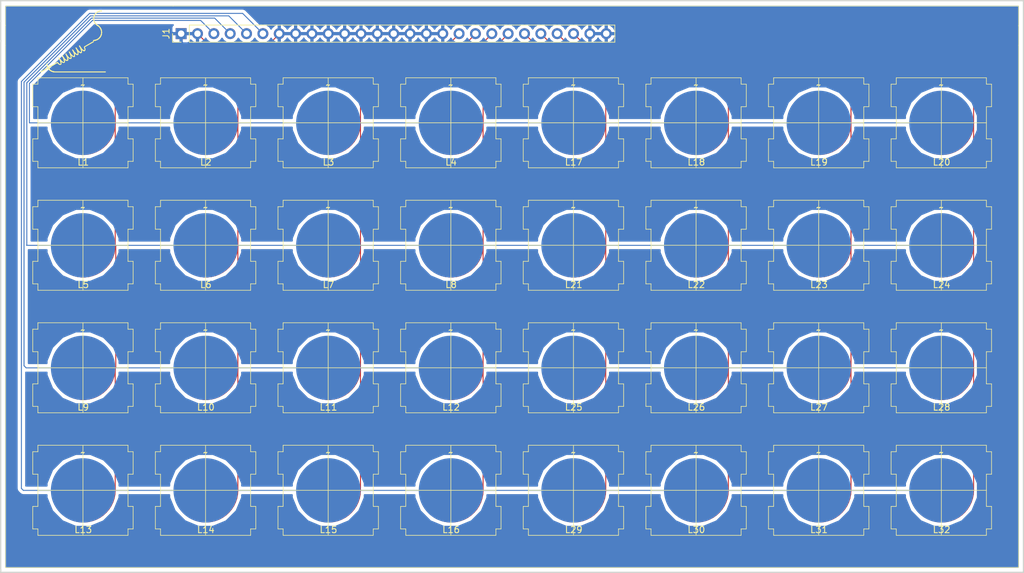
<source format=kicad_pcb>
(kicad_pcb (version 4) (host pcbnew 4.0.7)
  (layers (0 F.Cu signal) (31 B.Cu signal) (34 B.Paste user) (35 F.Paste user) (36 B.SilkS user) (37 F.SilkS user) (38 B.Mask user) (39 F.Mask user) (44 Edge.Cuts user))
  (net 0 "")
  (net 1 GNDREF)
  (net 2 /MRP1)
  (net 3 /MCN13)
  (net 4 /MRP2)
  (net 5 /MRP3)
  (net 6 /MRP4)
  (net 7 /MCN12)
  (net 8 /MCN11)
  (net 9 /MCN10)
  (net 10 /MRP5)
  (net 11 /MRP6)
  (net 12 /MRP7)
  (net 13 /MRP8)
  (module library:pad (layer F.Cu) (at 82.042 62.1792)
    (fp_text reference L2 (at 0.0254 6.1214) (layer F.SilkS))
    (fp_text value ~ (at -0.0254 -5.8928) (layer F.SilkS))
    (fp_line (start 5 0) (end 4.954526 0.625902) (layer F.Cu) (width 0.1524))
    (fp_line (start 4.954526 0.625902) (end 4.831107 1.240417) (layer F.Cu) (width 0.1524))
    (fp_line (start 4.831107 1.240417) (end 4.631879 1.833891) (layer F.Cu) (width 0.1524))
    (fp_line (start 4.631879 1.833891) (end 4.360166 2.397021) (layer F.Cu) (width 0.1524))
    (fp_line (start 4.360166 2.397021) (end 4.020426 2.921011) (layer F.Cu) (width 0.1524))
    (fp_line (start 4.020426 2.921011) (end 3.61818 3.397698) (layer F.Cu) (width 0.1524))
    (fp_line (start 3.61818 3.397698) (end 3.15992 3.819687) (layer F.Cu) (width 0.1524))
    (fp_line (start 3.15992 3.819687) (end 2.653003 4.180463) (layer F.Cu) (width 0.1524))
    (fp_line (start 2.653003 4.180463) (end 2.105537 4.474493) (layer F.Cu) (width 0.1524))
    (fp_line (start 2.105537 4.474493) (end 1.526247 4.697306) (layer F.Cu) (width 0.1524))
    (fp_line (start 1.526247 4.697306) (end 0.924342 4.845568) (layer F.Cu) (width 0.1524))
    (fp_line (start 0.924342 4.845568) (end 0.309359 4.917126) (layer F.Cu) (width 0.1524))
    (fp_line (start 0.309359 4.917126) (end -0.308977 4.911042) (layer F.Cu) (width 0.1524))
    (fp_line (start -0.308977 4.911042) (end -0.920915 4.827604) (layer F.Cu) (width 0.1524))
    (fp_line (start -0.920915 4.827604) (end -1.516828 4.668318) (layer F.Cu) (width 0.1524))
    (fp_line (start -1.516828 4.668318) (end -2.087368 4.435882) (layer F.Cu) (width 0.1524))
    (fp_line (start -2.087368 4.435882) (end -2.623605 4.13414) (layer F.Cu) (width 0.1524))
    (fp_line (start -2.623605 4.13414) (end -3.117177 3.768019) (layer F.Cu) (width 0.1524))
    (fp_line (start -3.117177 3.768019) (end -3.560411 3.343449) (layer F.Cu) (width 0.1524))
    (fp_line (start -3.560411 3.343449) (end -3.94645 2.867263) (layer F.Cu) (width 0.1524))
    (fp_line (start -3.94645 2.867263) (end -4.269352 2.347096) (layer F.Cu) (width 0.1524))
    (fp_line (start -4.269352 2.347096) (end -4.524188 1.791253) (layer F.Cu) (width 0.1524))
    (fp_line (start -4.524188 1.791253) (end -4.707113 1.208581) (layer F.Cu) (width 0.1524))
    (fp_line (start -4.707113 1.208581) (end -4.815423 0.608329) (layer F.Cu) (width 0.1524))
    (fp_line (start -4.815423 0.608329) (end -4.8476 0) (layer F.Cu) (width 0.1524))
    (fp_line (start -4.8476 0) (end -4.803327 -0.606801) (layer F.Cu) (width 0.1524))
    (fp_line (start -4.803327 -0.606801) (end -4.683495 -1.202517) (layer F.Cu) (width 0.1524))
    (fp_line (start -4.683495 -1.202517) (end -4.490181 -1.777788) (layer F.Cu) (width 0.1524))
    (fp_line (start -4.490181 -1.777788) (end -4.226616 -2.323602) (layer F.Cu) (width 0.1524))
    (fp_line (start -4.226616 -2.323602) (end -3.897132 -2.831432) (layer F.Cu) (width 0.1524))
    (fp_line (start -3.897132 -2.831432) (end -3.507086 -3.293373) (layer F.Cu) (width 0.1524))
    (fp_line (start -3.507086 -3.293373) (end -3.062776 -3.702261) (layer F.Cu) (width 0.1524))
    (fp_line (start -3.062776 -3.702261) (end -2.571343 -4.051788) (layer F.Cu) (width 0.1524))
    (fp_line (start -2.571343 -4.051788) (end -2.040648 -4.336597) (layer F.Cu) (width 0.1524))
    (fp_line (start -2.040648 -4.336597) (end -1.479153 -4.552365) (layer F.Cu) (width 0.1524))
    (fp_line (start -1.479153 -4.552365) (end -0.895785 -4.695867) (layer F.Cu) (width 0.1524))
    (fp_line (start -0.895785 -4.695867) (end -0.29979 -4.765027) (layer F.Cu) (width 0.1524))
    (fp_line (start -0.29979 -4.765027) (end 0.299407 -4.758943) (layer F.Cu) (width 0.1524))
    (fp_line (start 0.299407 -4.758943) (end 0.892358 -4.677903) (layer F.Cu) (width 0.1524))
    (fp_line (start 0.892358 -4.677903) (end 1.469734 -4.523377) (layer F.Cu) (width 0.1524))
    (fp_line (start 1.469734 -4.523377) (end 2.022479 -4.297986) (layer F.Cu) (width 0.1524))
    (fp_line (start 2.022479 -4.297986) (end 2.541945 -4.005465) (layer F.Cu) (width 0.1524))
    (fp_line (start 2.541945 -4.005465) (end 3.020033 -3.650593) (layer F.Cu) (width 0.1524))
    (fp_line (start 3.020033 -3.650593) (end 3.449316 -3.239124) (layer F.Cu) (width 0.1524))
    (fp_line (start 3.449316 -3.239124) (end 3.823155 -2.777685) (layer F.Cu) (width 0.1524))
    (fp_line (start 3.823155 -2.777685) (end 4.135803 -2.273677) (layer F.Cu) (width 0.1524))
    (fp_line (start 4.135803 -2.273677) (end 4.38249 -1.735151) (layer F.Cu) (width 0.1524))
    (fp_line (start 4.38249 -1.735151) (end 4.559501 -1.170681) (layer F.Cu) (width 0.1524))
    (fp_line (start 4.559501 -1.170681) (end 4.664225 -0.589229) (layer F.Cu) (width 0.1524))
    (fp_line (start 4.664225 -0.589229) (end 4.6952 0) (layer F.Cu) (width 0.1524))
    (fp_line (start 4.6952 0) (end 4.652129 0.587701) (layer F.Cu) (width 0.1524))
    (fp_line (start 4.652129 0.587701) (end 4.535883 1.164617) (layer F.Cu) (width 0.1524))
    (fp_line (start 4.535883 1.164617) (end 4.348483 1.721686) (layer F.Cu) (width 0.1524))
    (fp_line (start 4.348483 1.721686) (end 4.093067 2.250183) (layer F.Cu) (width 0.1524))
    (fp_line (start 4.093067 2.250183) (end 3.773838 2.741854) (layer F.Cu) (width 0.1524))
    (fp_line (start 3.773838 2.741854) (end 3.395991 3.189048) (layer F.Cu) (width 0.1524))
    (fp_line (start 3.395991 3.189048) (end 2.965633 3.584834) (layer F.Cu) (width 0.1524))
    (fp_line (start 2.965633 3.584834) (end 2.489683 3.923112) (layer F.Cu) (width 0.1524))
    (fp_line (start 2.489683 3.923112) (end 1.975759 4.198702) (layer F.Cu) (width 0.1524))
    (fp_line (start 1.975759 4.198702) (end 1.432059 4.407424) (layer F.Cu) (width 0.1524))
    (fp_line (start 1.432059 4.407424) (end 0.867228 4.546167) (layer F.Cu) (width 0.1524))
    (fp_line (start 0.867228 4.546167) (end 0.290221 4.612927) (layer F.Cu) (width 0.1524))
    (fp_line (start 0.290221 4.612927) (end -0.289838 4.606843) (layer F.Cu) (width 0.1524))
    (fp_line (start -0.289838 4.606843) (end -0.863801 4.528203) (layer F.Cu) (width 0.1524))
    (fp_line (start -0.863801 4.528203) (end -1.42264 4.378436) (layer F.Cu) (width 0.1524))
    (fp_line (start -1.42264 4.378436) (end -1.95759 4.160091) (layer F.Cu) (width 0.1524))
    (fp_line (start -1.95759 4.160091) (end -2.460285 3.876789) (layer F.Cu) (width 0.1524))
    (fp_line (start -2.460285 3.876789) (end -2.92289 3.533167) (layer F.Cu) (width 0.1524))
    (fp_line (start -2.92289 3.533167) (end -3.338221 3.134799) (layer F.Cu) (width 0.1524))
    (fp_line (start -3.338221 3.134799) (end -3.699861 2.688107) (layer F.Cu) (width 0.1524))
    (fp_line (start -3.699861 2.688107) (end -4.002254 2.200258) (layer F.Cu) (width 0.1524))
    (fp_line (start -4.002254 2.200258) (end -4.240792 1.679048) (layer F.Cu) (width 0.1524))
    (fp_line (start -4.240792 1.679048) (end -4.411889 1.13278) (layer F.Cu) (width 0.1524))
    (fp_line (start -4.411889 1.13278) (end -4.513027 0.570128) (layer F.Cu) (width 0.1524))
    (fp_line (start -4.513027 0.570128) (end -4.5428 0) (layer F.Cu) (width 0.1524))
    (fp_line (start -4.5428 0) (end -4.500931 -0.5686) (layer F.Cu) (width 0.1524))
    (fp_line (start -4.500931 -0.5686) (end -4.388271 -1.126716) (layer F.Cu) (width 0.1524))
    (fp_line (start -4.388271 -1.126716) (end -4.206785 -1.665584) (layer F.Cu) (width 0.1524))
    (fp_line (start -4.206785 -1.665584) (end -3.959518 -2.176764) (layer F.Cu) (width 0.1524))
    (fp_line (start -3.959518 -2.176764) (end -3.650544 -2.652275) (layer F.Cu) (width 0.1524))
    (fp_line (start -3.650544 -2.652275) (end -3.284896 -3.084723) (layer F.Cu) (width 0.1524))
    (fp_line (start -3.284896 -3.084723) (end -2.86849 -3.467408) (layer F.Cu) (width 0.1524))
    (fp_line (start -2.86849 -3.467408) (end -2.408023 -3.794437) (layer F.Cu) (width 0.1524))
    (fp_line (start -2.408023 -3.794437) (end -1.91087 -4.060806) (layer F.Cu) (width 0.1524))
    (fp_line (start -1.91087 -4.060806) (end -1.384965 -4.262483) (layer F.Cu) (width 0.1524))
    (fp_line (start -1.384965 -4.262483) (end -0.838671 -4.396466) (layer F.Cu) (width 0.1524))
    (fp_line (start -0.838671 -4.396466) (end -0.280652 -4.460828) (layer F.Cu) (width 0.1524))
    (fp_line (start -0.280652 -4.460828) (end 0.280269 -4.454744) (layer F.Cu) (width 0.1524))
    (fp_line (start 0.280269 -4.454744) (end 0.835244 -4.378502) (layer F.Cu) (width 0.1524))
    (fp_line (start 0.835244 -4.378502) (end 1.375546 -4.233495) (layer F.Cu) (width 0.1524))
    (fp_line (start 1.375546 -4.233495) (end 1.892701 -4.022195) (layer F.Cu) (width 0.1524))
    (fp_line (start 1.892701 -4.022195) (end 2.378625 -3.748114) (layer F.Cu) (width 0.1524))
    (fp_line (start 2.378625 -3.748114) (end 2.825746 -3.415741) (layer F.Cu) (width 0.1524))
    (fp_line (start 2.825746 -3.415741) (end 3.227127 -3.030474) (layer F.Cu) (width 0.1524))
    (fp_line (start 3.227127 -3.030474) (end 3.576567 -2.598528) (layer F.Cu) (width 0.1524))
    (fp_line (start 3.576567 -2.598528) (end 3.868705 -2.126838) (layer F.Cu) (width 0.1524))
    (fp_line (start 3.868705 -2.126838) (end 4.099094 -1.622946) (layer F.Cu) (width 0.1524))
    (fp_line (start 4.099094 -1.622946) (end 4.264276 -1.09488) (layer F.Cu) (width 0.1524))
    (fp_line (start 4.264276 -1.09488) (end 4.361828 -0.551027) (layer F.Cu) (width 0.1524))
    (fp_line (start 4.361828 -0.551027) (end 4.3904 0) (layer F.Cu) (width 0.1524))
    (fp_line (start 4.3904 0) (end 4.349732 0.549499) (layer F.Cu) (width 0.1524))
    (fp_line (start 4.349732 0.549499) (end 4.240659 1.088816) (layer F.Cu) (width 0.1524))
    (fp_line (start 4.240659 1.088816) (end 4.065087 1.609482) (layer F.Cu) (width 0.1524))
    (fp_line (start 4.065087 1.609482) (end 3.825969 2.103344) (layer F.Cu) (width 0.1524))
    (fp_line (start 3.825969 2.103344) (end 3.527249 2.562697) (layer F.Cu) (width 0.1524))
    (fp_line (start 3.527249 2.562697) (end 3.173801 2.980398) (layer F.Cu) (width 0.1524))
    (fp_line (start 3.173801 2.980398) (end 2.771346 3.349982) (layer F.Cu) (width 0.1524))
    (fp_line (start 2.771346 3.349982) (end 2.326363 3.665761) (layer F.Cu) (width 0.1524))
    (fp_line (start 2.326363 3.665761) (end 1.845981 3.92291) (layer F.Cu) (width 0.1524))
    (fp_line (start 1.845981 3.92291) (end 1.337871 4.117542) (layer F.Cu) (width 0.1524))
    (fp_line (start 1.337871 4.117542) (end 0.810114 4.246766) (layer F.Cu) (width 0.1524))
    (fp_line (start 0.810114 4.246766) (end 0.271082 4.308729) (layer F.Cu) (width 0.1524))
    (fp_line (start 0.271082 4.308729) (end -0.2707 4.302645) (layer F.Cu) (width 0.1524))
    (fp_line (start -0.2707 4.302645) (end -0.806687 4.228802) (layer F.Cu) (width 0.1524))
    (fp_line (start -0.806687 4.228802) (end -1.328452 4.088554) (layer F.Cu) (width 0.1524))
    (fp_line (start -1.328452 4.088554) (end -1.827813 3.884299) (layer F.Cu) (width 0.1524))
    (fp_line (start -1.827813 3.884299) (end -2.296965 3.619438) (layer F.Cu) (width 0.1524))
    (fp_line (start -2.296965 3.619438) (end -2.728603 3.298314) (layer F.Cu) (width 0.1524))
    (fp_line (start -2.728603 3.298314) (end -3.116032 2.926149) (layer F.Cu) (width 0.1524))
    (fp_line (start -3.116032 2.926149) (end -3.453273 2.50895) (layer F.Cu) (width 0.1524))
    (fp_line (start -3.453273 2.50895) (end -3.735156 2.053419) (layer F.Cu) (width 0.1524))
    (fp_line (start -3.735156 2.053419) (end -3.957396 1.566844) (layer F.Cu) (width 0.1524))
    (fp_line (start -3.957396 1.566844) (end -4.116664 1.05698) (layer F.Cu) (width 0.1524))
    (fp_line (start -4.116664 1.05698) (end -4.21063 0.531926) (layer F.Cu) (width 0.1524))
    (fp_line (start -4.21063 0.531926) (end -4.238 0) (layer F.Cu) (width 0.1524))
    (fp_line (start -4.238 0) (end -4.198534 -0.530398) (layer F.Cu) (width 0.1524))
    (fp_line (start -4.198534 -0.530398) (end -4.093046 -1.050916) (layer F.Cu) (width 0.1524))
    (fp_line (start -4.093046 -1.050916) (end -3.923389 -1.55338) (layer F.Cu) (width 0.1524))
    (fp_line (start -3.923389 -1.55338) (end -3.69242 -2.029925) (layer F.Cu) (width 0.1524))
    (fp_line (start -3.69242 -2.029925) (end -3.403955 -2.473118) (layer F.Cu) (width 0.1524))
    (fp_line (start -3.403955 -2.473118) (end -3.062706 -2.876073) (layer F.Cu) (width 0.1524))
    (fp_line (start -3.062706 -2.876073) (end -2.674203 -3.232556) (layer F.Cu) (width 0.1524))
    (fp_line (start -2.674203 -3.232556) (end -2.244703 -3.537086) (layer F.Cu) (width 0.1524))
    (fp_line (start -2.244703 -3.537086) (end -1.781093 -3.785015) (layer F.Cu) (width 0.1524))
    (fp_line (start -1.781093 -3.785015) (end -1.290776 -3.972601) (layer F.Cu) (width 0.1524))
    (fp_line (start -1.290776 -3.972601) (end -0.781557 -4.097065) (layer F.Cu) (width 0.1524))
    (fp_line (start -0.781557 -4.097065) (end -0.261513 -4.15663) (layer F.Cu) (width 0.1524))
    (fp_line (start -0.261513 -4.15663) (end 0.26113 -4.150546) (layer F.Cu) (width 0.1524))
    (fp_line (start 0.26113 -4.150546) (end 0.77813 -4.079101) (layer F.Cu) (width 0.1524))
    (fp_line (start 0.77813 -4.079101) (end 1.281358 -3.943613) (layer F.Cu) (width 0.1524))
    (fp_line (start 1.281358 -3.943613) (end 1.762924 -3.746404) (layer F.Cu) (width 0.1524))
    (fp_line (start 1.762924 -3.746404) (end 2.215305 -3.490762) (layer F.Cu) (width 0.1524))
    (fp_line (start 2.215305 -3.490762) (end 2.63146 -3.180888) (layer F.Cu) (width 0.1524))
    (fp_line (start 2.63146 -3.180888) (end 3.004937 -2.821824) (layer F.Cu) (width 0.1524))
    (fp_line (start 3.004937 -2.821824) (end 3.329979 -2.419371) (layer F.Cu) (width 0.1524))
    (fp_line (start 3.329979 -2.419371) (end 3.601606 -1.98) (layer F.Cu) (width 0.1524))
    (fp_line (start 3.601606 -1.98) (end 3.815699 -1.510742) (layer F.Cu) (width 0.1524))
    (fp_line (start 3.815699 -1.510742) (end 3.969052 -1.019079) (layer F.Cu) (width 0.1524))
    (fp_line (start 3.969052 -1.019079) (end 4.059432 -0.512826) (layer F.Cu) (width 0.1524))
    (fp_line (start 4.059432 -0.512826) (end 4.0856 0) (layer F.Cu) (width 0.1524))
    (fp_line (start 4.0856 0) (end 4.047336 0.511297) (layer F.Cu) (width 0.1524))
    (fp_line (start 4.047336 0.511297) (end 3.945434 1.013015) (layer F.Cu) (width 0.1524))
    (fp_line (start 3.945434 1.013015) (end 3.781691 1.497277) (layer F.Cu) (width 0.1524))
    (fp_line (start 3.781691 1.497277) (end 3.558871 1.956506) (layer F.Cu) (width 0.1524))
    (fp_line (start 3.558871 1.956506) (end 3.280661 2.38354) (layer F.Cu) (width 0.1524))
    (fp_line (start 3.280661 2.38354) (end 2.951611 2.771748) (layer F.Cu) (width 0.1524))
    (fp_line (start 2.951611 2.771748) (end 2.577059 3.11513) (layer F.Cu) (width 0.1524))
    (fp_line (start 2.577059 3.11513) (end 2.163043 3.40841) (layer F.Cu) (width 0.1524))
    (fp_line (start 2.163043 3.40841) (end 1.716204 3.647119) (layer F.Cu) (width 0.1524))
    (fp_line (start 1.716204 3.647119) (end 1.243682 3.82766) (layer F.Cu) (width 0.1524))
    (fp_line (start 1.243682 3.82766) (end 0.753 3.947365) (layer F.Cu) (width 0.1524))
    (fp_line (start 0.753 3.947365) (end 0.251944 4.00453) (layer F.Cu) (width 0.1524))
    (fp_line (start 0.251944 4.00453) (end -0.251561 3.998446) (layer F.Cu) (width 0.1524))
    (fp_line (start -0.251561 3.998446) (end -0.749573 3.9294) (layer F.Cu) (width 0.1524))
    (fp_line (start -0.749573 3.9294) (end -1.234263 3.798672) (layer F.Cu) (width 0.1524))
    (fp_line (start -1.234263 3.798672) (end -1.698035 3.608508) (layer F.Cu) (width 0.1524))
    (fp_line (start -1.698035 3.608508) (end -2.133645 3.362087) (layer F.Cu) (width 0.1524))
    (fp_line (start -2.133645 3.362087) (end -2.534316 3.063462) (layer F.Cu) (width 0.1524))
    (fp_line (start -2.534316 3.063462) (end -2.893842 2.717499) (layer F.Cu) (width 0.1524))
    (fp_line (start -2.893842 2.717499) (end -3.206684 2.329793) (layer F.Cu) (width 0.1524))
    (fp_line (start -3.206684 2.329793) (end -3.468057 1.906581) (layer F.Cu) (width 0.1524))
    (fp_line (start -3.468057 1.906581) (end -3.674001 1.45464) (layer F.Cu) (width 0.1524))
    (fp_line (start -3.674001 1.45464) (end -3.82144 0.981179) (layer F.Cu) (width 0.1524))
    (fp_line (start -3.82144 0.981179) (end -3.908233 0.493725) (layer F.Cu) (width 0.1524))
    (fp_line (start -3.908233 0.493725) (end -3.9332 0) (layer F.Cu) (width 0.1524))
    (fp_line (start -3.9332 0) (end -3.896138 -0.492197) (layer F.Cu) (width 0.1524))
    (fp_line (start -3.896138 -0.492197) (end -3.797822 -0.975115) (layer F.Cu) (width 0.1524))
    (fp_line (start -3.797822 -0.975115) (end -3.639993 -1.441175) (layer F.Cu) (width 0.1524))
    (fp_line (start -3.639993 -1.441175) (end -3.425322 -1.883086) (layer F.Cu) (width 0.1524))
    (fp_line (start -3.425322 -1.883086) (end -3.157367 -2.293961) (layer F.Cu) (width 0.1524))
    (fp_line (start -3.157367 -2.293961) (end -2.840517 -2.667423) (layer F.Cu) (width 0.1524))
    (fp_line (start -2.840517 -2.667423) (end -2.479916 -2.997703) (layer F.Cu) (width 0.1524))
    (fp_line (start -2.479916 -2.997703) (end -2.081383 -3.279734) (layer F.Cu) (width 0.1524))
    (fp_line (start -2.081383 -3.279734) (end -1.651315 -3.509223) (layer F.Cu) (width 0.1524))
    (fp_line (start -1.651315 -3.509223) (end -1.196588 -3.682719) (layer F.Cu) (width 0.1524))
    (fp_line (start -1.196588 -3.682719) (end -0.724443 -3.797664) (layer F.Cu) (width 0.1524))
    (fp_line (start -0.724443 -3.797664) (end -0.242374 -3.852431) (layer F.Cu) (width 0.1524))
    (fp_line (start -0.242374 -3.852431) (end 0.241992 -3.846347) (layer F.Cu) (width 0.1524))
    (fp_line (start 0.241992 -3.846347) (end 0.721016 -3.7797) (layer F.Cu) (width 0.1524))
    (fp_line (start 0.721016 -3.7797) (end 1.187169 -3.653731) (layer F.Cu) (width 0.1524))
    (fp_line (start 1.187169 -3.653731) (end 1.633146 -3.470613) (layer F.Cu) (width 0.1524))
    (fp_line (start 1.633146 -3.470613) (end 2.051985 -3.233411) (layer F.Cu) (width 0.1524))
    (fp_line (start 2.051985 -3.233411) (end 2.437173 -2.946036) (layer F.Cu) (width 0.1524))
    (fp_line (start 2.437173 -2.946036) (end 2.782747 -2.613174) (layer F.Cu) (width 0.1524))
    (fp_line (start 2.782747 -2.613174) (end 3.08339 -2.240214) (layer F.Cu) (width 0.1524))
    (fp_line (start 3.08339 -2.240214) (end 3.334508 -1.833161) (layer F.Cu) (width 0.1524))
    (fp_line (start 3.334508 -1.833161) (end 3.532303 -1.398538) (layer F.Cu) (width 0.1524))
    (fp_line (start 3.532303 -1.398538) (end 3.673828 -0.943279) (layer F.Cu) (width 0.1524))
    (fp_line (start 3.673828 -0.943279) (end 3.757035 -0.474624) (layer F.Cu) (width 0.1524))
    (fp_line (start 3.757035 -0.474624) (end 3.7808 0) (layer F.Cu) (width 0.1524))
    (fp_line (start 3.7808 0) (end 3.744939 0.473096) (layer F.Cu) (width 0.1524))
    (fp_line (start 3.744939 0.473096) (end 3.65021 0.937215) (layer F.Cu) (width 0.1524))
    (fp_line (start 3.65021 0.937215) (end 3.498295 1.385073) (layer F.Cu) (width 0.1524))
    (fp_line (start 3.498295 1.385073) (end 3.291772 1.809667) (layer F.Cu) (width 0.1524))
    (fp_line (start 3.291772 1.809667) (end 3.034073 2.204383) (layer F.Cu) (width 0.1524))
    (fp_line (start 3.034073 2.204383) (end 2.729422 2.563098) (layer F.Cu) (width 0.1524))
    (fp_line (start 2.729422 2.563098) (end 2.382772 2.880277) (layer F.Cu) (width 0.1524))
    (fp_line (start 2.382772 2.880277) (end 1.999723 3.151059) (layer F.Cu) (width 0.1524))
    (fp_line (start 1.999723 3.151059) (end 1.586426 3.371328) (layer F.Cu) (width 0.1524))
    (fp_line (start 1.586426 3.371328) (end 1.149494 3.537778) (layer F.Cu) (width 0.1524))
    (fp_line (start 1.149494 3.537778) (end 0.695886 3.647963) (layer F.Cu) (width 0.1524))
    (fp_line (start 0.695886 3.647963) (end 0.232805 3.700332) (layer F.Cu) (width 0.1524))
    (fp_line (start 0.232805 3.700332) (end -0.232422 3.694248) (layer F.Cu) (width 0.1524))
    (fp_line (start -0.232422 3.694248) (end -0.692459 3.629999) (layer F.Cu) (width 0.1524))
    (fp_line (start -0.692459 3.629999) (end -1.140075 3.50879) (layer F.Cu) (width 0.1524))
    (fp_line (start -1.140075 3.50879) (end -1.568258 3.332717) (layer F.Cu) (width 0.1524))
    (fp_line (start -1.568258 3.332717) (end -1.970325 3.104736) (layer F.Cu) (width 0.1524))
    (fp_line (start -1.970325 3.104736) (end -2.340029 2.82861) (layer F.Cu) (width 0.1524))
    (fp_line (start -2.340029 2.82861) (end -2.671653 2.508849) (layer F.Cu) (width 0.1524))
    (fp_line (start -2.671653 2.508849) (end -2.960096 2.150636) (layer F.Cu) (width 0.1524))
    (fp_line (start -2.960096 2.150636) (end -3.200959 1.759742) (layer F.Cu) (width 0.1524))
    (fp_line (start -3.200959 1.759742) (end -3.390605 1.342435) (layer F.Cu) (width 0.1524))
    (fp_line (start -3.390605 1.342435) (end -3.526216 0.905378) (layer F.Cu) (width 0.1524))
    (fp_line (start -3.526216 0.905378) (end -3.605837 0.455523) (layer F.Cu) (width 0.1524))
    (fp_line (start -3.605837 0.455523) (end -3.6284 0) (layer F.Cu) (width 0.1524))
    (fp_line (start -3.6284 0) (end -3.593741 -0.453995) (layer F.Cu) (width 0.1524))
    (fp_line (start -3.593741 -0.453995) (end -3.502598 -0.899314) (layer F.Cu) (width 0.1524))
    (fp_line (start -3.502598 -0.899314) (end -3.356597 -1.328971) (layer F.Cu) (width 0.1524))
    (fp_line (start -3.356597 -1.328971) (end -3.158223 -1.736248) (layer F.Cu) (width 0.1524))
    (fp_line (start -3.158223 -1.736248) (end -2.910778 -2.114804) (layer F.Cu) (width 0.1524))
    (fp_line (start -2.910778 -2.114804) (end -2.618327 -2.458773) (layer F.Cu) (width 0.1524))
    (fp_line (start -2.618327 -2.458773) (end -2.285629 -2.762851) (layer F.Cu) (width 0.1524))
    (fp_line (start -2.285629 -2.762851) (end -1.918063 -3.022383) (layer F.Cu) (width 0.1524))
    (fp_line (start -1.918063 -3.022383) (end -1.521538 -3.233432) (layer F.Cu) (width 0.1524))
    (fp_line (start -1.521538 -3.233432) (end -1.1024 -3.392837) (layer F.Cu) (width 0.1524))
    (fp_line (start -1.1024 -3.392837) (end -0.667329 -3.498263) (layer F.Cu) (width 0.1524))
    (fp_line (start -0.667329 -3.498263) (end -0.223236 -3.548233) (layer F.Cu) (width 0.1524))
    (fp_line (start -0.223236 -3.548233) (end 0.222853 -3.542149) (layer F.Cu) (width 0.1524))
    (fp_line (start 0.222853 -3.542149) (end 0.663903 -3.480299) (layer F.Cu) (width 0.1524))
    (fp_line (start 0.663903 -3.480299) (end 1.092981 -3.363849) (layer F.Cu) (width 0.1524))
    (fp_line (start 1.092981 -3.363849) (end 1.503369 -3.194821) (layer F.Cu) (width 0.1524))
    (fp_line (start 1.503369 -3.194821) (end 1.888665 -2.97606) (layer F.Cu) (width 0.1524))
    (fp_line (start 1.888665 -2.97606) (end 2.242886 -2.711183) (layer F.Cu) (width 0.1524))
    (fp_line (start 2.242886 -2.711183) (end 2.560558 -2.404524) (layer F.Cu) (width 0.1524))
    (fp_line (start 2.560558 -2.404524) (end 2.836802 -2.061057) (layer F.Cu) (width 0.1524))
    (fp_line (start 2.836802 -2.061057) (end 3.06741 -1.686323) (layer F.Cu) (width 0.1524))
    (fp_line (start 3.06741 -1.686323) (end 3.248907 -1.286333) (layer F.Cu) (width 0.1524))
    (fp_line (start 3.248907 -1.286333) (end 3.378604 -0.867478) (layer F.Cu) (width 0.1524))
    (fp_line (start 3.378604 -0.867478) (end 3.454639 -0.436422) (layer F.Cu) (width 0.1524))
    (fp_line (start 3.454639 -0.436422) (end 3.476 0) (layer F.Cu) (width 0.1524))
    (fp_line (start 3.476 0) (end 3.442543 0.434894) (layer F.Cu) (width 0.1524))
    (fp_line (start 3.442543 0.434894) (end 3.354986 0.861414) (layer F.Cu) (width 0.1524))
    (fp_line (start 3.354986 0.861414) (end 3.214899 1.272869) (layer F.Cu) (width 0.1524))
    (fp_line (start 3.214899 1.272869) (end 3.024674 1.662829) (layer F.Cu) (width 0.1524))
    (fp_line (start 3.024674 1.662829) (end 2.787484 2.025226) (layer F.Cu) (width 0.1524))
    (fp_line (start 2.787484 2.025226) (end 2.507232 2.354448) (layer F.Cu) (width 0.1524))
    (fp_line (start 2.507232 2.354448) (end 2.188486 2.645425) (layer F.Cu) (width 0.1524))
    (fp_line (start 2.188486 2.645425) (end 1.836403 2.893708) (layer F.Cu) (width 0.1524))
    (fp_line (start 1.836403 2.893708) (end 1.456649 3.095536) (layer F.Cu) (width 0.1524))
    (fp_line (start 1.456649 3.095536) (end 1.055305 3.247896) (layer F.Cu) (width 0.1524))
    (fp_line (start 1.055305 3.247896) (end 0.638772 3.348562) (layer F.Cu) (width 0.1524))
    (fp_line (start 0.638772 3.348562) (end 0.213667 3.396133) (layer F.Cu) (width 0.1524))
    (fp_line (start 0.213667 3.396133) (end -0.213284 3.390049) (layer F.Cu) (width 0.1524))
    (fp_line (start -0.213284 3.390049) (end -0.635346 3.330598) (layer F.Cu) (width 0.1524))
    (fp_line (start -0.635346 3.330598) (end -1.045887 3.218908) (layer F.Cu) (width 0.1524))
    (fp_line (start -1.045887 3.218908) (end -1.43848 3.056926) (layer F.Cu) (width 0.1524))
    (fp_line (start -1.43848 3.056926) (end -1.807005 2.847384) (layer F.Cu) (width 0.1524))
    (fp_line (start -1.807005 2.847384) (end -2.145743 2.593757) (layer F.Cu) (width 0.1524))
    (fp_line (start -2.145743 2.593757) (end -2.449463 2.300199) (layer F.Cu) (width 0.1524))
    (fp_line (start -2.449463 2.300199) (end -2.713508 1.971479) (layer F.Cu) (width 0.1524))
    (fp_line (start -2.713508 1.971479) (end -2.933861 1.612904) (layer F.Cu) (width 0.1524))
    (fp_line (start -2.933861 1.612904) (end -3.107209 1.230231) (layer F.Cu) (width 0.1524))
    (fp_line (start -3.107209 1.230231) (end -3.230992 0.829578) (layer F.Cu) (width 0.1524))
    (fp_line (start -3.230992 0.829578) (end -3.30344 0.417322) (layer F.Cu) (width 0.1524))
    (fp_line (start -3.30344 0.417322) (end -3.3236 0) (layer F.Cu) (width 0.1524))
    (fp_line (start -3.3236 0) (end -3.291344 -0.415794) (layer F.Cu) (width 0.1524))
    (fp_line (start -3.291344 -0.415794) (end -3.207374 -0.823514) (layer F.Cu) (width 0.1524))
    (fp_line (start -3.207374 -0.823514) (end -3.073201 -1.216767) (layer F.Cu) (width 0.1524))
    (fp_line (start -3.073201 -1.216767) (end -2.891125 -1.589409) (layer F.Cu) (width 0.1524))
    (fp_line (start -2.891125 -1.589409) (end -2.66419 -1.935647) (layer F.Cu) (width 0.1524))
    (fp_line (start -2.66419 -1.935647) (end -2.396137 -2.250123) (layer F.Cu) (width 0.1524))
    (fp_line (start -2.396137 -2.250123) (end -2.091342 -2.527998) (layer F.Cu) (width 0.1524))
    (fp_line (start -2.091342 -2.527998) (end -1.754743 -2.765032) (layer F.Cu) (width 0.1524))
    (fp_line (start -1.754743 -2.765032) (end -1.39176 -2.957641) (layer F.Cu) (width 0.1524))
    (fp_line (start -1.39176 -2.957641) (end -1.008211 -3.102955) (layer F.Cu) (width 0.1524))
    (fp_line (start -1.008211 -3.102955) (end -0.610216 -3.198862) (layer F.Cu) (width 0.1524))
    (fp_line (start -0.610216 -3.198862) (end -0.204097 -3.244034) (layer F.Cu) (width 0.1524))
    (fp_line (start -0.204097 -3.244034) (end 0.203715 -3.23795) (layer F.Cu) (width 0.1524))
    (fp_line (start 0.203715 -3.23795) (end 0.606789 -3.180898) (layer F.Cu) (width 0.1524))
    (fp_line (start 0.606789 -3.180898) (end 0.998792 -3.073967) (layer F.Cu) (width 0.1524))
    (fp_line (start 0.998792 -3.073967) (end 1.373591 -2.91903) (layer F.Cu) (width 0.1524))
    (fp_line (start 1.373591 -2.91903) (end 1.725345 -2.718709) (layer F.Cu) (width 0.1524))
    (fp_line (start 1.725345 -2.718709) (end 2.048599 -2.476331) (layer F.Cu) (width 0.1524))
    (fp_line (start 2.048599 -2.476331) (end 2.338368 -2.195874) (layer F.Cu) (width 0.1524))
    (fp_line (start 2.338368 -2.195874) (end 2.590214 -1.8819) (layer F.Cu) (width 0.1524))
    (fp_line (start 2.590214 -1.8819) (end 2.800312 -1.539484) (layer F.Cu) (width 0.1524))
    (fp_line (start 2.800312 -1.539484) (end 2.965511 -1.174129) (layer F.Cu) (width 0.1524))
    (fp_line (start 2.965511 -1.174129) (end 3.08338 -0.791677) (layer F.Cu) (width 0.1524))
    (fp_line (start 3.08338 -0.791677) (end 3.152242 -0.398221) (layer F.Cu) (width 0.1524))
    (fp_line (start 3.152242 -0.398221) (end 3.1712 0) (layer F.Cu) (width 0.1524))
    (fp_line (start 3.1712 0) (end 3.140146 0.396693) (layer F.Cu) (width 0.1524))
    (fp_line (start 3.140146 0.396693) (end 3.059762 0.785613) (layer F.Cu) (width 0.1524))
    (fp_line (start 3.059762 0.785613) (end 2.931503 1.160664) (layer F.Cu) (width 0.1524))
    (fp_line (start 2.931503 1.160664) (end 2.757576 1.51599) (layer F.Cu) (width 0.1524))
    (fp_line (start 2.757576 1.51599) (end 2.540896 1.846069) (layer F.Cu) (width 0.1524))
    (fp_line (start 2.540896 1.846069) (end 2.285043 2.145798) (layer F.Cu) (width 0.1524))
    (fp_line (start 2.285043 2.145798) (end 1.994199 2.410572) (layer F.Cu) (width 0.1524))
    (fp_line (start 1.994199 2.410572) (end 1.673083 2.636357) (layer F.Cu) (width 0.1524))
    (fp_line (start 1.673083 2.636357) (end 1.326871 2.819745) (layer F.Cu) (width 0.1524))
    (fp_line (start 1.326871 2.819745) (end 0.961117 2.958014) (layer F.Cu) (width 0.1524))
    (fp_line (start 0.961117 2.958014) (end 0.581659 3.049161) (layer F.Cu) (width 0.1524))
    (fp_line (start 0.581659 3.049161) (end 0.194528 3.091935) (layer F.Cu) (width 0.1524))
    (fp_line (start 0.194528 3.091935) (end -0.194145 3.085851) (layer F.Cu) (width 0.1524))
    (fp_line (start -0.194145 3.085851) (end -0.578232 3.031197) (layer F.Cu) (width 0.1524))
    (fp_line (start -0.578232 3.031197) (end -0.951698 2.929026) (layer F.Cu) (width 0.1524))
    (fp_line (start -0.951698 2.929026) (end -1.308702 2.781134) (layer F.Cu) (width 0.1524))
    (fp_line (start -1.308702 2.781134) (end -1.643685 2.590033) (layer F.Cu) (width 0.1524))
    (fp_line (start -1.643685 2.590033) (end -1.951456 2.358905) (layer F.Cu) (width 0.1524))
    (fp_line (start -1.951456 2.358905) (end -2.227273 2.091549) (layer F.Cu) (width 0.1524))
    (fp_line (start -2.227273 2.091549) (end -2.466919 1.792322) (layer F.Cu) (width 0.1524))
    (fp_line (start -2.466919 1.792322) (end -2.666762 1.466065) (layer F.Cu) (width 0.1524))
    (fp_line (start -2.666762 1.466065) (end -2.823813 1.118027) (layer F.Cu) (width 0.1524))
    (fp_line (start -2.823813 1.118027) (end -2.935768 0.753777) (layer F.Cu) (width 0.1524))
    (fp_line (start -2.935768 0.753777) (end -3.001044 0.37912) (layer F.Cu) (width 0.1524))
    (fp_line (start -3.001044 0.37912) (end -3.0188 0) (layer F.Cu) (width 0.1524))
    (fp_line (start -3.0188 0) (end -2.988948 -0.377592) (layer F.Cu) (width 0.1524))
    (fp_line (start -2.988948 -0.377592) (end -2.91215 -0.747713) (layer F.Cu) (width 0.1524))
    (fp_line (start -2.91215 -0.747713) (end -2.789806 -1.104562) (layer F.Cu) (width 0.1524))
    (fp_line (start -2.789806 -1.104562) (end -2.624027 -1.442571) (layer F.Cu) (width 0.1524))
    (fp_line (start -2.624027 -1.442571) (end -2.417602 -1.75649) (layer F.Cu) (width 0.1524))
    (fp_line (start -2.417602 -1.75649) (end -2.173948 -2.041473) (layer F.Cu) (width 0.1524))
    (fp_line (start -2.173948 -2.041473) (end -1.897055 -2.293146) (layer F.Cu) (width 0.1524))
    (fp_line (start -1.897055 -2.293146) (end -1.591423 -2.507681) (layer F.Cu) (width 0.1524))
    (fp_line (start -1.591423 -2.507681) (end -1.261983 -2.681849) (layer F.Cu) (width 0.1524))
    (fp_line (start -1.261983 -2.681849) (end -0.914023 -2.813073) (layer F.Cu) (width 0.1524))
    (fp_line (start -0.914023 -2.813073) (end -0.553102 -2.89946) (layer F.Cu) (width 0.1524))
    (fp_line (start -0.553102 -2.89946) (end -0.184959 -2.939835) (layer F.Cu) (width 0.1524))
    (fp_line (start -0.184959 -2.939835) (end 0.184576 -2.933751) (layer F.Cu) (width 0.1524))
    (fp_line (start 0.184576 -2.933751) (end 0.549675 -2.881496) (layer F.Cu) (width 0.1524))
    (fp_line (start 0.549675 -2.881496) (end 0.904604 -2.784085) (layer F.Cu) (width 0.1524))
    (fp_line (start 0.904604 -2.784085) (end 1.243814 -2.643239) (layer F.Cu) (width 0.1524))
    (fp_line (start 1.243814 -2.643239) (end 1.562025 -2.461358) (layer F.Cu) (width 0.1524))
    (fp_line (start 1.562025 -2.461358) (end 1.854312 -2.241479) (layer F.Cu) (width 0.1524))
    (fp_line (start 1.854312 -2.241479) (end 2.116178 -1.987224) (layer F.Cu) (width 0.1524))
    (fp_line (start 2.116178 -1.987224) (end 2.343625 -1.702743) (layer F.Cu) (width 0.1524))
    (fp_line (start 2.343625 -1.702743) (end 2.533213 -1.392646) (layer F.Cu) (width 0.1524))
    (fp_line (start 2.533213 -1.392646) (end 2.682115 -1.061924) (layer F.Cu) (width 0.1524))
    (fp_line (start 2.682115 -1.061924) (end 2.788156 -0.715877) (layer F.Cu) (width 0.1524))
    (fp_line (start 2.788156 -0.715877) (end 2.849846 -0.360019) (layer F.Cu) (width 0.1524))
    (fp_line (start 2.849846 -0.360019) (end 2.8664 0) (layer F.Cu) (width 0.1524))
    (fp_line (start 2.8664 0) (end 2.83775 0.358491) (layer F.Cu) (width 0.1524))
    (fp_line (start 2.83775 0.358491) (end 2.764538 0.709813) (layer F.Cu) (width 0.1524))
    (fp_line (start 2.764538 0.709813) (end 2.648108 1.04846) (layer F.Cu) (width 0.1524))
    (fp_line (start 2.648108 1.04846) (end 2.490478 1.369152) (layer F.Cu) (width 0.1524))
    (fp_line (start 2.490478 1.369152) (end 2.294307 1.666912) (layer F.Cu) (width 0.1524))
    (fp_line (start 2.294307 1.666912) (end 2.062853 1.937148) (layer F.Cu) (width 0.1524))
    (fp_line (start 2.062853 1.937148) (end 1.799912 2.17572) (layer F.Cu) (width 0.1524))
    (fp_line (start 1.799912 2.17572) (end 1.509763 2.379005) (layer F.Cu) (width 0.1524))
    (fp_line (start 1.509763 2.379005) (end 1.197094 2.543954) (layer F.Cu) (width 0.1524))
    (fp_line (start 1.197094 2.543954) (end 0.866929 2.668132) (layer F.Cu) (width 0.1524))
    (fp_line (start 0.866929 2.668132) (end 0.524545 2.74976) (layer F.Cu) (width 0.1524))
    (fp_line (start 0.524545 2.74976) (end 0.17539 2.787736) (layer F.Cu) (width 0.1524))
    (fp_line (start 0.17539 2.787736) (end -0.175007 2.781652) (layer F.Cu) (width 0.1524))
    (fp_line (start -0.175007 2.781652) (end -0.521118 2.731796) (layer F.Cu) (width 0.1524))
    (fp_line (start -0.521118 2.731796) (end -0.85751 2.639144) (layer F.Cu) (width 0.1524))
    (fp_line (start -0.85751 2.639144) (end -1.178925 2.505343) (layer F.Cu) (width 0.1524))
    (fp_line (start -1.178925 2.505343) (end -1.480365 2.332682) (layer F.Cu) (width 0.1524))
    (fp_line (start -1.480365 2.332682) (end -1.757169 2.124052) (layer F.Cu) (width 0.1524))
    (fp_line (start -1.757169 2.124052) (end -2.005084 1.882899) (layer F.Cu) (width 0.1524))
    (fp_line (start -2.005084 1.882899) (end -2.220331 1.613165) (layer F.Cu) (width 0.1524))
    (fp_line (start -2.220331 1.613165) (end -2.399664 1.319227) (layer F.Cu) (width 0.1524))
    (fp_line (start -2.399664 1.319227) (end -2.540417 1.005822) (layer F.Cu) (width 0.1524))
    (fp_line (start -2.540417 1.005822) (end -2.640544 0.677976) (layer F.Cu) (width 0.1524))
    (fp_line (start -2.640544 0.677976) (end -2.698647 0.340918) (layer F.Cu) (width 0.1524))
    (fp_line (start -2.698647 0.340918) (end -2.714 0) (layer F.Cu) (width 0.1524))
    (fp_line (start -2.714 0) (end -2.686551 -0.33939) (layer F.Cu) (width 0.1524))
    (fp_line (start -2.686551 -0.33939) (end -2.616926 -0.671912) (layer F.Cu) (width 0.1524))
    (fp_line (start -2.616926 -0.671912) (end -2.50641 -0.992358) (layer F.Cu) (width 0.1524))
    (fp_line (start -2.50641 -0.992358) (end -2.356928 -1.295732) (layer F.Cu) (width 0.1524))
    (fp_line (start -2.356928 -1.295732) (end -2.171013 -1.577333) (layer F.Cu) (width 0.1524))
    (fp_line (start -2.171013 -1.577333) (end -1.951758 -1.832823) (layer F.Cu) (width 0.1524))
    (fp_line (start -1.951758 -1.832823) (end -1.702769 -2.058294) (layer F.Cu) (width 0.1524))
    (fp_line (start -1.702769 -2.058294) (end -1.428103 -2.25033) (layer F.Cu) (width 0.1524))
    (fp_line (start -1.428103 -2.25033) (end -1.132205 -2.406058) (layer F.Cu) (width 0.1524))
    (fp_line (start -1.132205 -2.406058) (end -0.819834 -2.523191) (layer F.Cu) (width 0.1524))
    (fp_line (start -0.819834 -2.523191) (end -0.495988 -2.600059) (layer F.Cu) (width 0.1524))
    (fp_line (start -0.495988 -2.600059) (end -0.16582 -2.635637) (layer F.Cu) (width 0.1524))
    (fp_line (start -0.16582 -2.635637) (end 0.165437 -2.629553) (layer F.Cu) (width 0.1524))
    (fp_line (start 0.165437 -2.629553) (end 0.492561 -2.582095) (layer F.Cu) (width 0.1524))
    (fp_line (start 0.492561 -2.582095) (end 0.810416 -2.494203) (layer F.Cu) (width 0.1524))
    (fp_line (start 0.810416 -2.494203) (end 1.114036 -2.367447) (layer F.Cu) (width 0.1524))
    (fp_line (start 1.114036 -2.367447) (end 1.398705 -2.204007) (layer F.Cu) (width 0.1524))
    (fp_line (start 1.398705 -2.204007) (end 1.660025 -2.006626) (layer F.Cu) (width 0.1524))
    (fp_line (start 1.660025 -2.006626) (end 1.893989 -1.778574) (layer F.Cu) (width 0.1524))
    (fp_line (start 1.893989 -1.778574) (end 2.097037 -1.523586) (layer F.Cu) (width 0.1524))
    (fp_line (start 2.097037 -1.523586) (end 2.266115 -1.245807) (layer F.Cu) (width 0.1524))
    (fp_line (start 2.266115 -1.245807) (end 2.398719 -0.94972) (layer F.Cu) (width 0.1524))
    (fp_line (start 2.398719 -0.94972) (end 2.492932 -0.640076) (layer F.Cu) (width 0.1524))
    (fp_line (start 2.492932 -0.640076) (end 2.547449 -0.321818) (layer F.Cu) (width 0.1524))
    (fp_line (start 2.547449 -0.321818) (end 2.5616 0) (layer F.Cu) (width 0.1524))
    (fp_line (start 2.5616 0) (end 2.535353 0.32029) (layer F.Cu) (width 0.1524))
    (fp_line (start 2.535353 0.32029) (end 2.469314 0.634012) (layer F.Cu) (width 0.1524))
    (fp_line (start 2.469314 0.634012) (end 2.364712 0.936256) (layer F.Cu) (width 0.1524))
    (fp_line (start 2.364712 0.936256) (end 2.223379 1.222313) (layer F.Cu) (width 0.1524))
    (fp_line (start 2.223379 1.222313) (end 2.047719 1.487755) (layer F.Cu) (width 0.1524))
    (fp_line (start 2.047719 1.487755) (end 1.840663 1.728498) (layer F.Cu) (width 0.1524))
    (fp_line (start 1.840663 1.728498) (end 1.605625 1.940867) (layer F.Cu) (width 0.1524))
    (fp_line (start 1.605625 1.940867) (end 1.346443 2.121654) (layer F.Cu) (width 0.1524))
    (fp_line (start 1.346443 2.121654) (end 1.067316 2.268163) (layer F.Cu) (width 0.1524))
    (fp_line (start 1.067316 2.268163) (end 0.77274 2.37825) (layer F.Cu) (width 0.1524))
    (fp_line (start 0.77274 2.37825) (end 0.467431 2.450359) (layer F.Cu) (width 0.1524))
    (fp_line (start 0.467431 2.450359) (end 0.156251 2.483538) (layer F.Cu) (width 0.1524))
    (fp_line (start 0.156251 2.483538) (end -0.155868 2.477454) (layer F.Cu) (width 0.1524))
    (fp_line (start -0.155868 2.477454) (end -0.464004 2.432395) (layer F.Cu) (width 0.1524))
    (fp_line (start -0.464004 2.432395) (end -0.763321 2.349262) (layer F.Cu) (width 0.1524))
    (fp_line (start -0.763321 2.349262) (end -1.049147 2.229552) (layer F.Cu) (width 0.1524))
    (fp_line (start -1.049147 2.229552) (end -1.317045 2.075331) (layer F.Cu) (width 0.1524))
    (fp_line (start -1.317045 2.075331) (end -1.562882 1.8892) (layer F.Cu) (width 0.1524))
    (fp_line (start -1.562882 1.8892) (end -1.782894 1.674249) (layer F.Cu) (width 0.1524))
    (fp_line (start -1.782894 1.674249) (end -1.973743 1.434008) (layer F.Cu) (width 0.1524))
    (fp_line (start -1.973743 1.434008) (end -2.132566 1.172388) (layer F.Cu) (width 0.1524))
    (fp_line (start -2.132566 1.172388) (end -2.257021 0.893618) (layer F.Cu) (width 0.1524))
    (fp_line (start -2.257021 0.893618) (end -2.34532 0.602176) (layer F.Cu) (width 0.1524))
    (fp_line (start -2.34532 0.602176) (end -2.396251 0.302717) (layer F.Cu) (width 0.1524))
    (fp_line (start -2.396251 0.302717) (end -2.4092 0) (layer F.Cu) (width 0.1524))
    (fp_line (start -2.4092 0) (end -2.384155 -0.301189) (layer F.Cu) (width 0.1524))
    (fp_line (start -2.384155 -0.301189) (end -2.321702 -0.596112) (layer F.Cu) (width 0.1524))
    (fp_line (start -2.321702 -0.596112) (end -2.223014 -0.880153) (layer F.Cu) (width 0.1524))
    (fp_line (start -2.223014 -0.880153) (end -2.08983 -1.148894) (layer F.Cu) (width 0.1524))
    (fp_line (start -2.08983 -1.148894) (end -1.924425 -1.398177) (layer F.Cu) (width 0.1524))
    (fp_line (start -1.924425 -1.398177) (end -1.729568 -1.624173) (layer F.Cu) (width 0.1524))
    (fp_line (start -1.729568 -1.624173) (end -1.508482 -1.823441) (layer F.Cu) (width 0.1524))
    (fp_line (start -1.508482 -1.823441) (end -1.264783 -1.992979) (layer F.Cu) (width 0.1524))
    (fp_line (start -1.264783 -1.992979) (end -1.002428 -2.130267) (layer F.Cu) (width 0.1524))
    (fp_line (start -1.002428 -2.130267) (end -0.725646 -2.233309) (layer F.Cu) (width 0.1524))
    (fp_line (start -0.725646 -2.233309) (end -0.438874 -2.300658) (layer F.Cu) (width 0.1524))
    (fp_line (start -0.438874 -2.300658) (end -0.146682 -2.331438) (layer F.Cu) (width 0.1524))
    (fp_line (start -0.146682 -2.331438) (end 0.146299 -2.325354) (layer F.Cu) (width 0.1524))
    (fp_line (start 0.146299 -2.325354) (end 0.435447 -2.282694) (layer F.Cu) (width 0.1524))
    (fp_line (start 0.435447 -2.282694) (end 0.716227 -2.204321) (layer F.Cu) (width 0.1524))
    (fp_line (start 0.716227 -2.204321) (end 0.984259 -2.091656) (layer F.Cu) (width 0.1524))
    (fp_line (start 0.984259 -2.091656) (end 1.235385 -1.946655) (layer F.Cu) (width 0.1524))
    (fp_line (start 1.235385 -1.946655) (end 1.465739 -1.771774) (layer F.Cu) (width 0.1524))
    (fp_line (start 1.465739 -1.771774) (end 1.671799 -1.569924) (layer F.Cu) (width 0.1524))
    (fp_line (start 1.671799 -1.569924) (end 1.850448 -1.344429) (layer F.Cu) (width 0.1524))
    (fp_line (start 1.850448 -1.344429) (end 1.999017 -1.098969) (layer F.Cu) (width 0.1524))
    (fp_line (start 1.999017 -1.098969) (end 2.115323 -0.837516) (layer F.Cu) (width 0.1524))
    (fp_line (start 2.115323 -0.837516) (end 2.197707 -0.564275) (layer F.Cu) (width 0.1524))
    (fp_line (start 2.197707 -0.564275) (end 2.245052 -0.283616) (layer F.Cu) (width 0.1524))
    (fp_line (start 2.245052 -0.283616) (end 2.2568 0) (layer F.Cu) (width 0.1524))
    (fp_line (start 2.2568 0) (end 2.232957 0.282088) (layer F.Cu) (width 0.1524))
    (fp_line (start 2.232957 0.282088) (end 2.17409 0.558211) (layer F.Cu) (width 0.1524))
    (fp_line (start 2.17409 0.558211) (end 2.081316 0.824051) (layer F.Cu) (width 0.1524))
    (fp_line (start 2.081316 0.824051) (end 1.956281 1.075475) (layer F.Cu) (width 0.1524))
    (fp_line (start 1.956281 1.075475) (end 1.801131 1.308598) (layer F.Cu) (width 0.1524))
    (fp_line (start 1.801131 1.308598) (end 1.618474 1.519848) (layer F.Cu) (width 0.1524))
    (fp_line (start 1.618474 1.519848) (end 1.411338 1.706015) (layer F.Cu) (width 0.1524))
    (fp_line (start 1.411338 1.706015) (end 1.183123 1.864303) (layer F.Cu) (width 0.1524))
    (fp_line (start 1.183123 1.864303) (end 0.937539 1.992371) (layer F.Cu) (width 0.1524))
    (fp_line (start 0.937539 1.992371) (end 0.678552 2.088368) (layer F.Cu) (width 0.1524))
    (fp_line (start 0.678552 2.088368) (end 0.410317 2.150958) (layer F.Cu) (width 0.1524))
    (fp_line (start 0.410317 2.150958) (end 0.137112 2.179339) (layer F.Cu) (width 0.1524))
    (fp_line (start 0.137112 2.179339) (end -0.13673 2.173255) (layer F.Cu) (width 0.1524))
    (fp_line (start -0.13673 2.173255) (end -0.40689 2.132994) (layer F.Cu) (width 0.1524))
    (fp_line (start -0.40689 2.132994) (end -0.669133 2.05938) (layer F.Cu) (width 0.1524))
    (fp_line (start -0.669133 2.05938) (end -0.91937 1.95376) (layer F.Cu) (width 0.1524))
    (fp_line (start -0.91937 1.95376) (end -1.153725 1.81798) (layer F.Cu) (width 0.1524))
    (fp_line (start -1.153725 1.81798) (end -1.368595 1.654347) (layer F.Cu) (width 0.1524))
    (fp_line (start -1.368595 1.654347) (end -1.560704 1.465599) (layer F.Cu) (width 0.1524))
    (fp_line (start -1.560704 1.465599) (end -1.727154 1.254851) (layer F.Cu) (width 0.1524))
    (fp_line (start -1.727154 1.254851) (end -1.865468 1.02555) (layer F.Cu) (width 0.1524))
    (fp_line (start -1.865468 1.02555) (end -1.973625 0.781414) (layer F.Cu) (width 0.1524))
    (fp_line (start -1.973625 0.781414) (end -2.050095 0.526375) (layer F.Cu) (width 0.1524))
    (fp_line (start -2.050095 0.526375) (end -2.093854 0.264515) (layer F.Cu) (width 0.1524))
    (fp_line (start -2.093854 0.264515) (end -2.1044 0) (layer F.Cu) (width 0.1524))
    (fp_line (start -2.1044 0) (end -2.081758 -0.262987) (layer F.Cu) (width 0.1524))
    (fp_line (start -2.081758 -0.262987) (end -2.026477 -0.520311) (layer F.Cu) (width 0.1524))
    (fp_line (start -2.026477 -0.520311) (end -1.939618 -0.767949) (layer F.Cu) (width 0.1524))
    (fp_line (start -1.939618 -0.767949) (end -1.822732 -1.002055) (layer F.Cu) (width 0.1524))
    (fp_line (start -1.822732 -1.002055) (end -1.677837 -1.21902) (layer F.Cu) (width 0.1524))
    (fp_line (start -1.677837 -1.21902) (end -1.507379 -1.415523) (layer F.Cu) (width 0.1524))
    (fp_line (start -1.507379 -1.415523) (end -1.314195 -1.588589) (layer F.Cu) (width 0.1524))
    (fp_line (start -1.314195 -1.588589) (end -1.101463 -1.735628) (layer F.Cu) (width 0.1524))
    (fp_line (start -1.101463 -1.735628) (end -0.87265 -1.854476) (layer F.Cu) (width 0.1524))
    (fp_line (start -0.87265 -1.854476) (end -0.631458 -1.943427) (layer F.Cu) (width 0.1524))
    (fp_line (start -0.631458 -1.943427) (end -0.38176 -2.001257) (layer F.Cu) (width 0.1524))
    (fp_line (start -0.38176 -2.001257) (end -0.127543 -2.02724) (layer F.Cu) (width 0.1524))
    (fp_line (start -0.127543 -2.02724) (end 0.12716 -2.021156) (layer F.Cu) (width 0.1524))
    (fp_line (start 0.12716 -2.021156) (end 0.378333 -1.983293) (layer F.Cu) (width 0.1524))
    (fp_line (start 0.378333 -1.983293) (end 0.622039 -1.914439) (layer F.Cu) (width 0.1524))
    (fp_line (start 0.622039 -1.914439) (end 0.854481 -1.815865) (layer F.Cu) (width 0.1524))
    (fp_line (start 0.854481 -1.815865) (end 1.072065 -1.689304) (layer F.Cu) (width 0.1524))
    (fp_line (start 1.072065 -1.689304) (end 1.271452 -1.536921) (layer F.Cu) (width 0.1524))
    (fp_line (start 1.271452 -1.536921) (end 1.44961 -1.361274) (layer F.Cu) (width 0.1524))
    (fp_line (start 1.44961 -1.361274) (end 1.60386 -1.165273) (layer F.Cu) (width 0.1524))
    (fp_line (start 1.60386 -1.165273) (end 1.731919 -0.95213) (layer F.Cu) (width 0.1524))
    (fp_line (start 1.731919 -0.95213) (end 1.831927 -0.725311) (layer F.Cu) (width 0.1524))
    (fp_line (start 1.831927 -0.725311) (end 1.902483 -0.488475) (layer F.Cu) (width 0.1524))
    (fp_line (start 1.902483 -0.488475) (end 1.942656 -0.245415) (layer F.Cu) (width 0.1524))
    (fp_line (start 1.942656 -0.245415) (end 1.952 0) (layer F.Cu) (width 0.1524))
    (fp_line (start 1.952 0) (end 1.93056 0.243886) (layer F.Cu) (width 0.1524))
    (fp_line (start 1.93056 0.243886) (end 1.878865 0.482411) (layer F.Cu) (width 0.1524))
    (fp_line (start 1.878865 0.482411) (end 1.79792 0.711847) (layer F.Cu) (width 0.1524))
    (fp_line (start 1.79792 0.711847) (end 1.689183 0.928636) (layer F.Cu) (width 0.1524))
    (fp_line (start 1.689183 0.928636) (end 1.554542 1.129441) (layer F.Cu) (width 0.1524))
    (fp_line (start 1.554542 1.129441) (end 1.396284 1.311198) (layer F.Cu) (width 0.1524))
    (fp_line (start 1.396284 1.311198) (end 1.217051 1.471163) (layer F.Cu) (width 0.1524))
    (fp_line (start 1.217051 1.471163) (end 1.019803 1.606952) (layer F.Cu) (width 0.1524))
    (fp_line (start 1.019803 1.606952) (end 0.807761 1.71658) (layer F.Cu) (width 0.1524))
    (fp_line (start 0.807761 1.71658) (end 0.584364 1.798486) (layer F.Cu) (width 0.1524))
    (fp_line (start 0.584364 1.798486) (end 0.353203 1.851556) (layer F.Cu) (width 0.1524))
    (fp_line (start 0.353203 1.851556) (end 0.117974 1.875141) (layer F.Cu) (width 0.1524))
    (fp_line (start 0.117974 1.875141) (end -0.117591 1.869057) (layer F.Cu) (width 0.1524))
    (fp_line (start -0.117591 1.869057) (end -0.349777 1.833592) (layer F.Cu) (width 0.1524))
    (fp_line (start -0.349777 1.833592) (end -0.574945 1.769498) (layer F.Cu) (width 0.1524))
    (fp_line (start -0.574945 1.769498) (end -0.789592 1.677969) (layer F.Cu) (width 0.1524))
    (fp_line (start -0.789592 1.677969) (end -0.990405 1.560629) (layer F.Cu) (width 0.1524))
    (fp_line (start -0.990405 1.560629) (end -1.174308 1.419495) (layer F.Cu) (width 0.1524))
    (fp_line (start -1.174308 1.419495) (end -1.338515 1.256949) (layer F.Cu) (width 0.1524))
    (fp_line (start -1.338515 1.256949) (end -1.480566 1.075694) (layer F.Cu) (width 0.1524))
    (fp_line (start -1.480566 1.075694) (end -1.598369 0.878711) (layer F.Cu) (width 0.1524))
    (fp_line (start -1.598369 0.878711) (end -1.69023 0.669209) (layer F.Cu) (width 0.1524))
    (fp_line (start -1.69023 0.669209) (end -1.754871 0.450574) (layer F.Cu) (width 0.1524))
    (fp_line (start -1.754871 0.450574) (end -1.791458 0.226314) (layer F.Cu) (width 0.1524))
    (fp_line (start -1.791458 0.226314) (end -1.7996 0) (layer F.Cu) (width 0.1524))
    (fp_line (start -1.7996 0) (end -1.779362 -0.224786) (layer F.Cu) (width 0.1524))
    (fp_line (start -1.779362 -0.224786) (end -1.731253 -0.44451) (layer F.Cu) (width 0.1524))
    (fp_line (start -1.731253 -0.44451) (end -1.656222 -0.655745) (layer F.Cu) (width 0.1524))
    (fp_line (start -1.656222 -0.655745) (end -1.555634 -0.855217) (layer F.Cu) (width 0.1524))
    (fp_line (start -1.555634 -0.855217) (end -1.431248 -1.039863) (layer F.Cu) (width 0.1524))
    (fp_line (start -1.431248 -1.039863) (end -1.285189 -1.206873) (layer F.Cu) (width 0.1524))
    (fp_line (start -1.285189 -1.206873) (end -1.119908 -1.353736) (layer F.Cu) (width 0.1524))
    (fp_line (start -1.119908 -1.353736) (end -0.938143 -1.478276) (layer F.Cu) (width 0.1524))
    (fp_line (start -0.938143 -1.478276) (end -0.742873 -1.578684) (layer F.Cu) (width 0.1524))
    (fp_line (start -0.742873 -1.578684) (end -0.537269 -1.653545) (layer F.Cu) (width 0.1524))
    (fp_line (start -0.537269 -1.653545) (end -0.324646 -1.701856) (layer F.Cu) (width 0.1524))
    (fp_line (start -0.324646 -1.701856) (end -0.108405 -1.723041) (layer F.Cu) (width 0.1524))
    (fp_line (start -0.108405 -1.723041) (end 0.108022 -1.716957) (layer F.Cu) (width 0.1524))
    (fp_line (start 0.108022 -1.716957) (end 0.32122 -1.683892) (layer F.Cu) (width 0.1524))
    (fp_line (start 0.32122 -1.683892) (end 0.527851 -1.624557) (layer F.Cu) (width 0.1524))
    (fp_line (start 0.527851 -1.624557) (end 0.724704 -1.540074) (layer F.Cu) (width 0.1524))
    (fp_line (start 0.724704 -1.540074) (end 0.908745 -1.431953) (layer F.Cu) (width 0.1524))
    (fp_line (start 0.908745 -1.431953) (end 1.077165 -1.302069) (layer F.Cu) (width 0.1524))
    (fp_line (start 1.077165 -1.302069) (end 1.22742 -1.152624) (layer F.Cu) (width 0.1524))
    (fp_line (start 1.22742 -1.152624) (end 1.357272 -0.986116) (layer F.Cu) (width 0.1524))
    (fp_line (start 1.357272 -0.986116) (end 1.46482 -0.805292) (layer F.Cu) (width 0.1524))
    (fp_line (start 1.46482 -0.805292) (end 1.548532 -0.613107) (layer F.Cu) (width 0.1524))
    (fp_line (start 1.548532 -0.613107) (end 1.607259 -0.412674) (layer F.Cu) (width 0.1524))
    (fp_line (start 1.607259 -0.412674) (end 1.640259 -0.207213) (layer F.Cu) (width 0.1524))
    (fp_line (start 1.640259 -0.207213) (end 1.6472 0) (layer F.Cu) (width 0.1524))
    (fp_line (start 1.6472 0) (end 1.628163 0.205685) (layer F.Cu) (width 0.1524))
    (fp_line (start 1.628163 0.205685) (end 1.583641 0.40661) (layer F.Cu) (width 0.1524))
    (fp_line (start 1.583641 0.40661) (end 1.514524 0.599643) (layer F.Cu) (width 0.1524))
    (fp_line (start 1.514524 0.599643) (end 1.422085 0.781798) (layer F.Cu) (width 0.1524))
    (fp_line (start 1.422085 0.781798) (end 1.307954 0.950284) (layer F.Cu) (width 0.1524))
    (fp_line (start 1.307954 0.950284) (end 1.174094 1.102548) (layer F.Cu) (width 0.1524))
    (fp_line (start 1.174094 1.102548) (end 1.022765 1.23631) (layer F.Cu) (width 0.1524))
    (fp_line (start 1.022765 1.23631) (end 0.856483 1.349601) (layer F.Cu) (width 0.1524))
    (fp_line (start 0.856483 1.349601) (end 0.677984 1.440789) (layer F.Cu) (width 0.1524))
    (fp_line (start 0.677984 1.440789) (end 0.490175 1.508604) (layer F.Cu) (width 0.1524))
    (fp_line (start 0.490175 1.508604) (end 0.29609 1.552155) (layer F.Cu) (width 0.1524))
    (fp_line (start 0.29609 1.552155) (end 0.098835 1.570942) (layer F.Cu) (width 0.1524))
    (fp_line (start 0.098835 1.570942) (end -0.098453 1.564858) (layer F.Cu) (width 0.1524))
    (fp_line (start -0.098453 1.564858) (end -0.292663 1.534191) (layer F.Cu) (width 0.1524))
    (fp_line (start -0.292663 1.534191) (end -0.480756 1.479616) (layer F.Cu) (width 0.1524))
    (fp_line (start -0.480756 1.479616) (end -0.659815 1.402178) (layer F.Cu) (width 0.1524))
    (fp_line (start -0.659815 1.402178) (end -0.827085 1.303278) (layer F.Cu) (width 0.1524))
    (fp_line (start -0.827085 1.303278) (end -0.980022 1.184643) (layer F.Cu) (width 0.1524))
    (fp_line (start -0.980022 1.184643) (end -1.116325 1.048299) (layer F.Cu) (width 0.1524))
    (fp_line (start -1.116325 1.048299) (end -1.233977 0.896537) (layer F.Cu) (width 0.1524))
    (fp_line (start -1.233977 0.896537) (end -1.331271 0.731873) (layer F.Cu) (width 0.1524))
    (fp_line (start -1.331271 0.731873) (end -1.406834 0.557005) (layer F.Cu) (width 0.1524))
    (fp_line (start -1.406834 0.557005) (end -1.459647 0.374774) (layer F.Cu) (width 0.1524))
    (fp_line (start -1.459647 0.374774) (end -1.489061 0.188112) (layer F.Cu) (width 0.1524))
    (fp_line (start -1.489061 0.188112) (end -1.4948 0) (layer F.Cu) (width 0.1524))
    (fp_line (start -1.4948 0) (end -1.476965 -0.186584) (layer F.Cu) (width 0.1524))
    (fp_line (start -1.476965 -0.186584) (end -1.436029 -0.36871) (layer F.Cu) (width 0.1524))
    (fp_line (start -1.436029 -0.36871) (end -1.372826 -0.54354) (layer F.Cu) (width 0.1524))
    (fp_line (start -1.372826 -0.54354) (end -1.288535 -0.708378) (layer F.Cu) (width 0.1524))
    (fp_line (start -1.288535 -0.708378) (end -1.18466 -0.860706) (layer F.Cu) (width 0.1524))
    (fp_line (start -1.18466 -0.860706) (end -1.063 -0.998223) (layer F.Cu) (width 0.1524))
    (fp_line (start -1.063 -0.998223) (end -0.925621 -1.118884) (layer F.Cu) (width 0.1524))
    (fp_line (start -0.925621 -1.118884) (end -0.774823 -1.220925) (layer F.Cu) (width 0.1524))
    (fp_line (start -0.774823 -1.220925) (end -0.613095 -1.302893) (layer F.Cu) (width 0.1524))
    (fp_line (start -0.613095 -1.302893) (end -0.443081 -1.363663) (layer F.Cu) (width 0.1524))
    (fp_line (start -0.443081 -1.363663) (end -0.267533 -1.402455) (layer F.Cu) (width 0.1524))
    (fp_line (start -0.267533 -1.402455) (end -0.089266 -1.418843) (layer F.Cu) (width 0.1524))
    (fp_line (start -0.089266 -1.418843) (end 0.088883 -1.412759) (layer F.Cu) (width 0.1524))
    (fp_line (start 0.088883 -1.412759) (end 0.264106 -1.384491) (layer F.Cu) (width 0.1524))
    (fp_line (start 0.264106 -1.384491) (end 0.433662 -1.334675) (layer F.Cu) (width 0.1524))
    (fp_line (start 0.433662 -1.334675) (end 0.594926 -1.264282) (layer F.Cu) (width 0.1524))
    (fp_line (start 0.594926 -1.264282) (end 0.745425 -1.174602) (layer F.Cu) (width 0.1524))
    (fp_line (start 0.745425 -1.174602) (end 0.882878 -1.067216) (layer F.Cu) (width 0.1524))
    (fp_line (start 0.882878 -1.067216) (end 1.00523 -0.943974) (layer F.Cu) (width 0.1524))
    (fp_line (start 1.00523 -0.943974) (end 1.110683 -0.806959) (layer F.Cu) (width 0.1524))
    (fp_line (start 1.110683 -0.806959) (end 1.197722 -0.658453) (layer F.Cu) (width 0.1524))
    (fp_line (start 1.197722 -0.658453) (end 1.265136 -0.500903) (layer F.Cu) (width 0.1524))
    (fp_line (start 1.265136 -0.500903) (end 1.312035 -0.336873) (layer F.Cu) (width 0.1524))
    (fp_line (start 1.312035 -0.336873) (end 1.337863 -0.169011) (layer F.Cu) (width 0.1524))
    (fp_line (start 1.337863 -0.169011) (end 1.3424 0) (layer F.Cu) (width 0.1524))
    (fp_line (start 1.3424 0) (end 1.325767 0.167483) (layer F.Cu) (width 0.1524))
    (fp_line (start 1.325767 0.167483) (end 1.288417 0.330809) (layer F.Cu) (width 0.1524))
    (fp_line (start 1.288417 0.330809) (end 1.231128 0.487438) (layer F.Cu) (width 0.1524))
    (fp_line (start 1.231128 0.487438) (end 1.154986 0.634959) (layer F.Cu) (width 0.1524))
    (fp_line (start 1.154986 0.634959) (end 1.061366 0.771127) (layer F.Cu) (width 0.1524))
    (fp_line (start 1.061366 0.771127) (end 0.951905 0.893898) (layer F.Cu) (width 0.1524))
    (fp_line (start 0.951905 0.893898) (end 0.828478 1.001458) (layer F.Cu) (width 0.1524))
    (fp_line (start 0.828478 1.001458) (end 0.693163 1.09225) (layer F.Cu) (width 0.1524))
    (fp_line (start 0.693163 1.09225) (end 0.548206 1.164997) (layer F.Cu) (width 0.1524))
    (fp_line (start 0.548206 1.164997) (end 0.395987 1.218722) (layer F.Cu) (width 0.1524))
    (fp_line (start 0.395987 1.218722) (end 0.238976 1.252754) (layer F.Cu) (width 0.1524))
    (fp_line (start 0.238976 1.252754) (end 0.079697 1.266743) (layer F.Cu) (width 0.1524))
    (fp_line (start 0.079697 1.266743) (end -0.079314 1.260659) (layer F.Cu) (width 0.1524))
    (fp_line (start -0.079314 1.260659) (end -0.235549 1.23479) (layer F.Cu) (width 0.1524))
    (fp_line (start -0.235549 1.23479) (end -0.386568 1.189734) (layer F.Cu) (width 0.1524))
    (fp_line (start -0.386568 1.189734) (end -0.530037 1.126387) (layer F.Cu) (width 0.1524))
    (fp_line (start -0.530037 1.126387) (end -0.663765 1.045926) (layer F.Cu) (width 0.1524))
    (fp_line (start -0.663765 1.045926) (end -0.785735 0.94979) (layer F.Cu) (width 0.1524))
    (fp_line (start -0.785735 0.94979) (end -0.894135 0.839649) (layer F.Cu) (width 0.1524))
    (fp_line (start -0.894135 0.839649) (end -0.987389 0.71738) (layer F.Cu) (width 0.1524))
    (fp_line (start -0.987389 0.71738) (end -1.064173 0.585034) (layer F.Cu) (width 0.1524))
    (fp_line (start -1.064173 0.585034) (end -1.123438 0.444801) (layer F.Cu) (width 0.1524))
    (fp_line (start -1.123438 0.444801) (end -1.164423 0.298973) (layer F.Cu) (width 0.1524))
    (fp_line (start -1.164423 0.298973) (end -1.186664 0.149911) (layer F.Cu) (width 0.1524))
    (fp_line (start -1.186664 0.149911) (end -1.19 0) (layer F.Cu) (width 0.1524))
    (fp_line (start -1.19 0) (end -1.174569 -0.148383) (layer F.Cu) (width 0.1524))
    (fp_line (start -1.174569 -0.148383) (end -1.140805 -0.292909) (layer F.Cu) (width 0.1524))
    (fp_line (start -1.140805 -0.292909) (end -1.08943 -0.431336) (layer F.Cu) (width 0.1524))
    (fp_line (start -1.08943 -0.431336) (end -1.021437 -0.56154) (layer F.Cu) (width 0.1524))
    (fp_line (start -1.021437 -0.56154) (end -0.938071 -0.681549) (layer F.Cu) (width 0.1524))
    (fp_line (start -0.938071 -0.681549) (end -0.84081 -0.789573) (layer F.Cu) (width 0.1524))
    (fp_line (start -0.84081 -0.789573) (end -0.731334 -0.884031) (layer F.Cu) (width 0.1524))
    (fp_line (start -0.731334 -0.884031) (end -0.611503 -0.963574) (layer F.Cu) (width 0.1524))
    (fp_line (start -0.611503 -0.963574) (end -0.483317 -1.027102) (layer F.Cu) (width 0.1524))
    (fp_line (start -0.483317 -1.027102) (end -0.348893 -1.073781) (layer F.Cu) (width 0.1524))
    (fp_line (start -0.348893 -1.073781) (end -0.210419 -1.103054) (layer F.Cu) (width 0.1524))
    (fp_line (start -0.210419 -1.103054) (end -0.070127 -1.114644) (layer F.Cu) (width 0.1524))
    (fp_line (start -0.070127 -1.114644) (end 0.069745 -1.10856) (layer F.Cu) (width 0.1524))
    (fp_line (start 0.069745 -1.10856) (end 0.206992 -1.08509) (layer F.Cu) (width 0.1524))
    (fp_line (start 0.206992 -1.08509) (end 0.339474 -1.044793) (layer F.Cu) (width 0.1524))
    (fp_line (start 0.339474 -1.044793) (end 0.465149 -0.988491) (layer F.Cu) (width 0.1524))
    (fp_line (start 0.465149 -0.988491) (end 0.582105 -0.917251) (layer F.Cu) (width 0.1524))
    (fp_line (start 0.582105 -0.917251) (end 0.688591 -0.832364) (layer F.Cu) (width 0.1524))
    (fp_line (start 0.688591 -0.832364) (end 0.783041 -0.735324) (layer F.Cu) (width 0.1524))
    (fp_line (start 0.783041 -0.735324) (end 0.864095 -0.627802) (layer F.Cu) (width 0.1524))
    (fp_line (start 0.864095 -0.627802) (end 0.930624 -0.511615) (layer F.Cu) (width 0.1524))
    (fp_line (start 0.930624 -0.511615) (end 0.98174 -0.388698) (layer F.Cu) (width 0.1524))
    (fp_line (start 0.98174 -0.388698) (end 1.016811 -0.261073) (layer F.Cu) (width 0.1524))
    (fp_line (start 1.016811 -0.261073) (end 1.035466 -0.13081) (layer F.Cu) (width 0.1524))
    (fp_line (start 1.035466 -0.13081) (end 1.0376 0) (layer F.Cu) (width 0.1524))
    (fp_line (start 1.0376 0) (end 1.02337 0.129282) (layer F.Cu) (width 0.1524))
    (fp_line (start 1.02337 0.129282) (end 0.993193 0.255009) (layer F.Cu) (width 0.1524))
    (fp_line (start 0.993193 0.255009) (end 0.947732 0.375234) (layer F.Cu) (width 0.1524))
    (fp_line (start 0.947732 0.375234) (end 0.887888 0.488121) (layer F.Cu) (width 0.1524))
    (fp_line (start 0.887888 0.488121) (end 0.814777 0.59197) (layer F.Cu) (width 0.1524))
    (fp_line (start 0.814777 0.59197) (end 0.729715 0.685248) (layer F.Cu) (width 0.1524))
    (fp_line (start 0.729715 0.685248) (end 0.634191 0.766605) (layer F.Cu) (width 0.1524))
    (fp_line (start 0.634191 0.766605) (end 0.529843 0.834899) (layer F.Cu) (width 0.1524))
    (fp_line (start 0.529843 0.834899) (end 0.418429 0.889206) (layer F.Cu) (width 0.1524))
    (fp_line (start 0.418429 0.889206) (end 0.301798 0.92884) (layer F.Cu) (width 0.1524))
    (fp_line (start 0.301798 0.92884) (end 0.181862 0.953353) (layer F.Cu) (width 0.1524))
    (fp_line (start 0.181862 0.953353) (end 0.060558 0.962545) (layer F.Cu) (width 0.1524))
    (fp_line (start 0.060558 0.962545) (end -0.060175 0.956461) (layer F.Cu) (width 0.1524))
    (fp_line (start -0.060175 0.956461) (end -0.178435 0.935389) (layer F.Cu) (width 0.1524))
    (fp_line (start -0.178435 0.935389) (end -0.29238 0.899852) (layer F.Cu) (width 0.1524))
    (fp_line (start -0.29238 0.899852) (end -0.40026 0.850595) (layer F.Cu) (width 0.1524))
    (fp_line (start -0.40026 0.850595) (end -0.500445 0.788575) (layer F.Cu) (width 0.1524))
    (fp_line (start -0.500445 0.788575) (end -0.591448 0.714938) (layer F.Cu) (width 0.1524))
    (fp_line (start -0.591448 0.714938) (end -0.671946 0.630999) (layer F.Cu) (width 0.1524))
    (fp_line (start -0.671946 0.630999) (end -0.740801 0.538223) (layer F.Cu) (width 0.1524))
    (fp_line (start -0.740801 0.538223) (end -0.797075 0.438195) (layer F.Cu) (width 0.1524))
    (fp_line (start -0.797075 0.438195) (end -0.840042 0.332596) (layer F.Cu) (width 0.1524))
    (fp_line (start -0.840042 0.332596) (end -0.869199 0.223172) (layer F.Cu) (width 0.1524))
    (fp_line (start -0.869199 0.223172) (end -0.884268 0.111709) (layer F.Cu) (width 0.1524))
    (fp_line (start -0.884268 0.111709) (end -0.8852 0) (layer F.Cu) (width 0.1524))
    (fp_line (start -0.8852 0) (end -0.872172 -0.110181) (layer F.Cu) (width 0.1524))
    (fp_line (start -0.872172 -0.110181) (end -0.845581 -0.217108) (layer F.Cu) (width 0.1524))
    (fp_line (start -0.845581 -0.217108) (end -0.806034 -0.319132) (layer F.Cu) (width 0.1524))
    (fp_line (start -0.806034 -0.319132) (end -0.754339 -0.414701) (layer F.Cu) (width 0.1524))
    (fp_line (start -0.754339 -0.414701) (end -0.691483 -0.502392) (layer F.Cu) (width 0.1524))
    (fp_line (start -0.691483 -0.502392) (end -0.61862 -0.580923) (layer F.Cu) (width 0.1524))
    (fp_line (start -0.61862 -0.580923) (end -0.537048 -0.649179) (layer F.Cu) (width 0.1524))
    (fp_line (start -0.537048 -0.649179) (end -0.448183 -0.706223) (layer F.Cu) (width 0.1524))
    (fp_line (start -0.448183 -0.706223) (end -0.35354 -0.751311) (layer F.Cu) (width 0.1524))
    (fp_line (start -0.35354 -0.751311) (end -0.254704 -0.783899) (layer F.Cu) (width 0.1524))
    (fp_line (start -0.254704 -0.783899) (end -0.153305 -0.803652) (layer F.Cu) (width 0.1524))
    (fp_line (start -0.153305 -0.803652) (end -0.050989 -0.810446) (layer F.Cu) (width 0.1524))
    (fp_line (start -0.050989 -0.810446) (end 0.050606 -0.804362) (layer F.Cu) (width 0.1524))
    (fp_line (start 0.050606 -0.804362) (end 0.149878 -0.785688) (layer F.Cu) (width 0.1524))
    (fp_line (start 0.149878 -0.785688) (end 0.245285 -0.754911) (layer F.Cu) (width 0.1524))
    (fp_line (start 0.245285 -0.754911) (end 0.335371 -0.7127) (layer F.Cu) (width 0.1524))
    (fp_line (start 0.335371 -0.7127) (end 0.418785 -0.6599) (layer F.Cu) (width 0.1524))
    (fp_line (start 0.418785 -0.6599) (end 0.494305 -0.597511) (layer F.Cu) (width 0.1524))
    (fp_line (start 0.494305 -0.597511) (end 0.560851 -0.526674) (layer F.Cu) (width 0.1524))
    (fp_line (start 0.560851 -0.526674) (end 0.617507 -0.448645) (layer F.Cu) (width 0.1524))
    (fp_line (start 0.617507 -0.448645) (end 0.663525 -0.364776) (layer F.Cu) (width 0.1524))
    (fp_line (start 0.663525 -0.364776) (end 0.698344 -0.276494) (layer F.Cu) (width 0.1524))
    (fp_line (start 0.698344 -0.276494) (end 0.721587 -0.185272) (layer F.Cu) (width 0.1524))
    (fp_line (start 0.721587 -0.185272) (end 0.73307 -0.092608) (layer F.Cu) (width 0.1524))
    (fp_line (start 0.73307 -0.092608) (end 0.7328 0) (layer F.Cu) (width 0.1524))
    (fp_line (start 0.7328 0) (end 0.720974 0.09108) (layer F.Cu) (width 0.1524))
    (fp_line (start 0.720974 0.09108) (end 0.697969 0.179208) (layer F.Cu) (width 0.1524))
    (fp_line (start 0.697969 0.179208) (end 0.664337 0.263029) (layer F.Cu) (width 0.1524))
    (fp_line (start 0.664337 0.263029) (end 0.62079 0.341282) (layer F.Cu) (width 0.1524))
    (fp_line (start 0.62079 0.341282) (end 0.568189 0.412813) (layer F.Cu) (width 0.1524))
    (fp_line (start 0.568189 0.412813) (end 0.507525 0.476598) (layer F.Cu) (width 0.1524))
    (fp_line (start 0.507525 0.476598) (end 0.439904 0.531753) (layer F.Cu) (width 0.1524))
    (fp_line (start 0.439904 0.531753) (end 0.366523 0.577547) (layer F.Cu) (width 0.1524))
    (fp_line (start 0.366523 0.577547) (end 0.288651 0.613415) (layer F.Cu) (width 0.1524))
    (fp_line (start 0.288651 0.613415) (end 0.20761 0.638958) (layer F.Cu) (width 0.1524))
    (fp_line (start 0.20761 0.638958) (end 0.124748 0.653952) (layer F.Cu) (width 0.1524))
    (fp_line (start 0.124748 0.653952) (end 0.04142 0.658346) (layer F.Cu) (width 0.1524))
    (fp_line (start 0.04142 0.658346) (end -0.041037 0.652262) (layer F.Cu) (width 0.1524))
    (fp_line (start -0.041037 0.652262) (end -0.121321 0.635988) (layer F.Cu) (width 0.1524))
    (fp_line (start -0.121321 0.635988) (end -0.198191 0.60997) (layer F.Cu) (width 0.1524))
    (fp_line (start -0.198191 0.60997) (end -0.270482 0.574804) (layer F.Cu) (width 0.1524))
    (fp_line (start -0.270482 0.574804) (end -0.337125 0.531224) (layer F.Cu) (width 0.1524))
    (fp_line (start -0.337125 0.531224) (end -0.397161 0.480085) (layer F.Cu) (width 0.1524))
    (fp_line (start -0.397161 0.480085) (end -0.449756 0.422349) (layer F.Cu) (width 0.1524))
    (fp_line (start -0.449756 0.422349) (end -0.494212 0.359066) (layer F.Cu) (width 0.1524))
    (fp_line (start -0.494212 0.359066) (end -0.529976 0.291357) (layer F.Cu) (width 0.1524))
    (fp_line (start -0.529976 0.291357) (end -0.556646 0.220392) (layer F.Cu) (width 0.1524))
    (fp_line (start -0.556646 0.220392) (end -0.573975 0.147372) (layer F.Cu) (width 0.1524))
    (fp_line (start -0.573975 0.147372) (end -0.581871 0.073507) (layer F.Cu) (width 0.1524))
    (fp_line (start -0.581871 0.073507) (end -0.5804 0) (layer F.Cu) (width 0.1524))
    (fp_line (start -0.5804 0) (end -0.569775 -0.071979) (layer F.Cu) (width 0.1524))
    (fp_line (start -0.569775 -0.071979) (end -0.550357 -0.141308) (layer F.Cu) (width 0.1524))
    (fp_line (start -0.550357 -0.141308) (end -0.522639 -0.206927) (layer F.Cu) (width 0.1524))
    (fp_line (start -0.522639 -0.206927) (end -0.487241 -0.267863) (layer F.Cu) (width 0.1524))
    (fp_line (start -0.487241 -0.267863) (end -0.444895 -0.323235) (layer F.Cu) (width 0.1524))
    (fp_line (start -0.444895 -0.323235) (end -0.396431 -0.372273) (layer F.Cu) (width 0.1524))
    (fp_line (start -0.396431 -0.372273) (end -0.342761 -0.414327) (layer F.Cu) (width 0.1524))
    (fp_line (start -0.342761 -0.414327) (end -0.284863 -0.448872) (layer F.Cu) (width 0.1524))
    (fp_line (start -0.284863 -0.448872) (end -0.223762 -0.475519) (layer F.Cu) (width 0.1524))
    (fp_line (start -0.223762 -0.475519) (end -0.160516 -0.494017) (layer F.Cu) (width 0.1524))
    (fp_line (start -0.160516 -0.494017) (end -0.096191 -0.504251) (layer F.Cu) (width 0.1524))
    (fp_line (start -0.096191 -0.504251) (end -0.03185 -0.506247) (layer F.Cu) (width 0.1524))
    (fp_line (start -0.03185 -0.506247) (end 0.031468 -0.500163) (layer F.Cu) (width 0.1524))
    (fp_line (start 0.031468 -0.500163) (end 0.092764 -0.486287) (layer F.Cu) (width 0.1524))
    (fp_line (start 0.092764 -0.486287) (end 0.151097 -0.465029) (layer F.Cu) (width 0.1524))
    (fp_line (start 0.151097 -0.465029) (end 0.205594 -0.436908) (layer F.Cu) (width 0.1524))
    (fp_line (start 0.205594 -0.436908) (end 0.255465 -0.402549) (layer F.Cu) (width 0.1524))
    (fp_line (start 0.255465 -0.402549) (end 0.300018 -0.362659) (layer F.Cu) (width 0.1524))
    (fp_line (start 0.300018 -0.362659) (end 0.338661 -0.318024) (layer F.Cu) (width 0.1524))
    (fp_line (start 0.338661 -0.318024) (end 0.370918 -0.269488) (layer F.Cu) (width 0.1524))
    (fp_line (start 0.370918 -0.269488) (end 0.396427 -0.217938) (layer F.Cu) (width 0.1524))
    (fp_line (start 0.396427 -0.217938) (end 0.414948 -0.16429) (layer F.Cu) (width 0.1524))
    (fp_line (start 0.414948 -0.16429) (end 0.426363 -0.109471) (layer F.Cu) (width 0.1524))
    (fp_line (start 0.426363 -0.109471) (end 0.430673 -0.054407) (layer F.Cu) (width 0.1524))
    (fp_line (start 0.430673 -0.054407) (end 0.428 0) (layer F.Cu) (width 0.1524))
    (pad 1 smd rect (at 5 0) (size 0.1524 0.1524) (layers F.Cu) (net 4 /MRP2))
    (pad 2 smd circle (at 0 0) (size 10 10) (layers B.Cu B.Paste B.Mask) (net 3 /MCN13))
  )
  (module library:pad (layer F.Cu) (at 196.342 119.3292)
    (fp_text reference L32 (at 0.0254 6.1214) (layer F.SilkS))
    (fp_text value ~ (at -0.0254 -5.8928) (layer F.SilkS))
    (fp_line (start 5 0) (end 4.954526 0.625902) (layer F.Cu) (width 0.1524))
    (fp_line (start 4.954526 0.625902) (end 4.831107 1.240417) (layer F.Cu) (width 0.1524))
    (fp_line (start 4.831107 1.240417) (end 4.631879 1.833891) (layer F.Cu) (width 0.1524))
    (fp_line (start 4.631879 1.833891) (end 4.360166 2.397021) (layer F.Cu) (width 0.1524))
    (fp_line (start 4.360166 2.397021) (end 4.020426 2.921011) (layer F.Cu) (width 0.1524))
    (fp_line (start 4.020426 2.921011) (end 3.61818 3.397698) (layer F.Cu) (width 0.1524))
    (fp_line (start 3.61818 3.397698) (end 3.15992 3.819687) (layer F.Cu) (width 0.1524))
    (fp_line (start 3.15992 3.819687) (end 2.653003 4.180463) (layer F.Cu) (width 0.1524))
    (fp_line (start 2.653003 4.180463) (end 2.105537 4.474493) (layer F.Cu) (width 0.1524))
    (fp_line (start 2.105537 4.474493) (end 1.526247 4.697306) (layer F.Cu) (width 0.1524))
    (fp_line (start 1.526247 4.697306) (end 0.924342 4.845568) (layer F.Cu) (width 0.1524))
    (fp_line (start 0.924342 4.845568) (end 0.309359 4.917126) (layer F.Cu) (width 0.1524))
    (fp_line (start 0.309359 4.917126) (end -0.308977 4.911042) (layer F.Cu) (width 0.1524))
    (fp_line (start -0.308977 4.911042) (end -0.920915 4.827604) (layer F.Cu) (width 0.1524))
    (fp_line (start -0.920915 4.827604) (end -1.516828 4.668318) (layer F.Cu) (width 0.1524))
    (fp_line (start -1.516828 4.668318) (end -2.087368 4.435882) (layer F.Cu) (width 0.1524))
    (fp_line (start -2.087368 4.435882) (end -2.623605 4.13414) (layer F.Cu) (width 0.1524))
    (fp_line (start -2.623605 4.13414) (end -3.117177 3.768019) (layer F.Cu) (width 0.1524))
    (fp_line (start -3.117177 3.768019) (end -3.560411 3.343449) (layer F.Cu) (width 0.1524))
    (fp_line (start -3.560411 3.343449) (end -3.94645 2.867263) (layer F.Cu) (width 0.1524))
    (fp_line (start -3.94645 2.867263) (end -4.269352 2.347096) (layer F.Cu) (width 0.1524))
    (fp_line (start -4.269352 2.347096) (end -4.524188 1.791253) (layer F.Cu) (width 0.1524))
    (fp_line (start -4.524188 1.791253) (end -4.707113 1.208581) (layer F.Cu) (width 0.1524))
    (fp_line (start -4.707113 1.208581) (end -4.815423 0.608329) (layer F.Cu) (width 0.1524))
    (fp_line (start -4.815423 0.608329) (end -4.8476 0) (layer F.Cu) (width 0.1524))
    (fp_line (start -4.8476 0) (end -4.803327 -0.606801) (layer F.Cu) (width 0.1524))
    (fp_line (start -4.803327 -0.606801) (end -4.683495 -1.202517) (layer F.Cu) (width 0.1524))
    (fp_line (start -4.683495 -1.202517) (end -4.490181 -1.777788) (layer F.Cu) (width 0.1524))
    (fp_line (start -4.490181 -1.777788) (end -4.226616 -2.323602) (layer F.Cu) (width 0.1524))
    (fp_line (start -4.226616 -2.323602) (end -3.897132 -2.831432) (layer F.Cu) (width 0.1524))
    (fp_line (start -3.897132 -2.831432) (end -3.507086 -3.293373) (layer F.Cu) (width 0.1524))
    (fp_line (start -3.507086 -3.293373) (end -3.062776 -3.702261) (layer F.Cu) (width 0.1524))
    (fp_line (start -3.062776 -3.702261) (end -2.571343 -4.051788) (layer F.Cu) (width 0.1524))
    (fp_line (start -2.571343 -4.051788) (end -2.040648 -4.336597) (layer F.Cu) (width 0.1524))
    (fp_line (start -2.040648 -4.336597) (end -1.479153 -4.552365) (layer F.Cu) (width 0.1524))
    (fp_line (start -1.479153 -4.552365) (end -0.895785 -4.695867) (layer F.Cu) (width 0.1524))
    (fp_line (start -0.895785 -4.695867) (end -0.29979 -4.765027) (layer F.Cu) (width 0.1524))
    (fp_line (start -0.29979 -4.765027) (end 0.299407 -4.758943) (layer F.Cu) (width 0.1524))
    (fp_line (start 0.299407 -4.758943) (end 0.892358 -4.677903) (layer F.Cu) (width 0.1524))
    (fp_line (start 0.892358 -4.677903) (end 1.469734 -4.523377) (layer F.Cu) (width 0.1524))
    (fp_line (start 1.469734 -4.523377) (end 2.022479 -4.297986) (layer F.Cu) (width 0.1524))
    (fp_line (start 2.022479 -4.297986) (end 2.541945 -4.005465) (layer F.Cu) (width 0.1524))
    (fp_line (start 2.541945 -4.005465) (end 3.020033 -3.650593) (layer F.Cu) (width 0.1524))
    (fp_line (start 3.020033 -3.650593) (end 3.449316 -3.239124) (layer F.Cu) (width 0.1524))
    (fp_line (start 3.449316 -3.239124) (end 3.823155 -2.777685) (layer F.Cu) (width 0.1524))
    (fp_line (start 3.823155 -2.777685) (end 4.135803 -2.273677) (layer F.Cu) (width 0.1524))
    (fp_line (start 4.135803 -2.273677) (end 4.38249 -1.735151) (layer F.Cu) (width 0.1524))
    (fp_line (start 4.38249 -1.735151) (end 4.559501 -1.170681) (layer F.Cu) (width 0.1524))
    (fp_line (start 4.559501 -1.170681) (end 4.664225 -0.589229) (layer F.Cu) (width 0.1524))
    (fp_line (start 4.664225 -0.589229) (end 4.6952 0) (layer F.Cu) (width 0.1524))
    (fp_line (start 4.6952 0) (end 4.652129 0.587701) (layer F.Cu) (width 0.1524))
    (fp_line (start 4.652129 0.587701) (end 4.535883 1.164617) (layer F.Cu) (width 0.1524))
    (fp_line (start 4.535883 1.164617) (end 4.348483 1.721686) (layer F.Cu) (width 0.1524))
    (fp_line (start 4.348483 1.721686) (end 4.093067 2.250183) (layer F.Cu) (width 0.1524))
    (fp_line (start 4.093067 2.250183) (end 3.773838 2.741854) (layer F.Cu) (width 0.1524))
    (fp_line (start 3.773838 2.741854) (end 3.395991 3.189048) (layer F.Cu) (width 0.1524))
    (fp_line (start 3.395991 3.189048) (end 2.965633 3.584834) (layer F.Cu) (width 0.1524))
    (fp_line (start 2.965633 3.584834) (end 2.489683 3.923112) (layer F.Cu) (width 0.1524))
    (fp_line (start 2.489683 3.923112) (end 1.975759 4.198702) (layer F.Cu) (width 0.1524))
    (fp_line (start 1.975759 4.198702) (end 1.432059 4.407424) (layer F.Cu) (width 0.1524))
    (fp_line (start 1.432059 4.407424) (end 0.867228 4.546167) (layer F.Cu) (width 0.1524))
    (fp_line (start 0.867228 4.546167) (end 0.290221 4.612927) (layer F.Cu) (width 0.1524))
    (fp_line (start 0.290221 4.612927) (end -0.289838 4.606843) (layer F.Cu) (width 0.1524))
    (fp_line (start -0.289838 4.606843) (end -0.863801 4.528203) (layer F.Cu) (width 0.1524))
    (fp_line (start -0.863801 4.528203) (end -1.42264 4.378436) (layer F.Cu) (width 0.1524))
    (fp_line (start -1.42264 4.378436) (end -1.95759 4.160091) (layer F.Cu) (width 0.1524))
    (fp_line (start -1.95759 4.160091) (end -2.460285 3.876789) (layer F.Cu) (width 0.1524))
    (fp_line (start -2.460285 3.876789) (end -2.92289 3.533167) (layer F.Cu) (width 0.1524))
    (fp_line (start -2.92289 3.533167) (end -3.338221 3.134799) (layer F.Cu) (width 0.1524))
    (fp_line (start -3.338221 3.134799) (end -3.699861 2.688107) (layer F.Cu) (width 0.1524))
    (fp_line (start -3.699861 2.688107) (end -4.002254 2.200258) (layer F.Cu) (width 0.1524))
    (fp_line (start -4.002254 2.200258) (end -4.240792 1.679048) (layer F.Cu) (width 0.1524))
    (fp_line (start -4.240792 1.679048) (end -4.411889 1.13278) (layer F.Cu) (width 0.1524))
    (fp_line (start -4.411889 1.13278) (end -4.513027 0.570128) (layer F.Cu) (width 0.1524))
    (fp_line (start -4.513027 0.570128) (end -4.5428 0) (layer F.Cu) (width 0.1524))
    (fp_line (start -4.5428 0) (end -4.500931 -0.5686) (layer F.Cu) (width 0.1524))
    (fp_line (start -4.500931 -0.5686) (end -4.388271 -1.126716) (layer F.Cu) (width 0.1524))
    (fp_line (start -4.388271 -1.126716) (end -4.206785 -1.665584) (layer F.Cu) (width 0.1524))
    (fp_line (start -4.206785 -1.665584) (end -3.959518 -2.176764) (layer F.Cu) (width 0.1524))
    (fp_line (start -3.959518 -2.176764) (end -3.650544 -2.652275) (layer F.Cu) (width 0.1524))
    (fp_line (start -3.650544 -2.652275) (end -3.284896 -3.084723) (layer F.Cu) (width 0.1524))
    (fp_line (start -3.284896 -3.084723) (end -2.86849 -3.467408) (layer F.Cu) (width 0.1524))
    (fp_line (start -2.86849 -3.467408) (end -2.408023 -3.794437) (layer F.Cu) (width 0.1524))
    (fp_line (start -2.408023 -3.794437) (end -1.91087 -4.060806) (layer F.Cu) (width 0.1524))
    (fp_line (start -1.91087 -4.060806) (end -1.384965 -4.262483) (layer F.Cu) (width 0.1524))
    (fp_line (start -1.384965 -4.262483) (end -0.838671 -4.396466) (layer F.Cu) (width 0.1524))
    (fp_line (start -0.838671 -4.396466) (end -0.280652 -4.460828) (layer F.Cu) (width 0.1524))
    (fp_line (start -0.280652 -4.460828) (end 0.280269 -4.454744) (layer F.Cu) (width 0.1524))
    (fp_line (start 0.280269 -4.454744) (end 0.835244 -4.378502) (layer F.Cu) (width 0.1524))
    (fp_line (start 0.835244 -4.378502) (end 1.375546 -4.233495) (layer F.Cu) (width 0.1524))
    (fp_line (start 1.375546 -4.233495) (end 1.892701 -4.022195) (layer F.Cu) (width 0.1524))
    (fp_line (start 1.892701 -4.022195) (end 2.378625 -3.748114) (layer F.Cu) (width 0.1524))
    (fp_line (start 2.378625 -3.748114) (end 2.825746 -3.415741) (layer F.Cu) (width 0.1524))
    (fp_line (start 2.825746 -3.415741) (end 3.227127 -3.030474) (layer F.Cu) (width 0.1524))
    (fp_line (start 3.227127 -3.030474) (end 3.576567 -2.598528) (layer F.Cu) (width 0.1524))
    (fp_line (start 3.576567 -2.598528) (end 3.868705 -2.126838) (layer F.Cu) (width 0.1524))
    (fp_line (start 3.868705 -2.126838) (end 4.099094 -1.622946) (layer F.Cu) (width 0.1524))
    (fp_line (start 4.099094 -1.622946) (end 4.264276 -1.09488) (layer F.Cu) (width 0.1524))
    (fp_line (start 4.264276 -1.09488) (end 4.361828 -0.551027) (layer F.Cu) (width 0.1524))
    (fp_line (start 4.361828 -0.551027) (end 4.3904 0) (layer F.Cu) (width 0.1524))
    (fp_line (start 4.3904 0) (end 4.349732 0.549499) (layer F.Cu) (width 0.1524))
    (fp_line (start 4.349732 0.549499) (end 4.240659 1.088816) (layer F.Cu) (width 0.1524))
    (fp_line (start 4.240659 1.088816) (end 4.065087 1.609482) (layer F.Cu) (width 0.1524))
    (fp_line (start 4.065087 1.609482) (end 3.825969 2.103344) (layer F.Cu) (width 0.1524))
    (fp_line (start 3.825969 2.103344) (end 3.527249 2.562697) (layer F.Cu) (width 0.1524))
    (fp_line (start 3.527249 2.562697) (end 3.173801 2.980398) (layer F.Cu) (width 0.1524))
    (fp_line (start 3.173801 2.980398) (end 2.771346 3.349982) (layer F.Cu) (width 0.1524))
    (fp_line (start 2.771346 3.349982) (end 2.326363 3.665761) (layer F.Cu) (width 0.1524))
    (fp_line (start 2.326363 3.665761) (end 1.845981 3.92291) (layer F.Cu) (width 0.1524))
    (fp_line (start 1.845981 3.92291) (end 1.337871 4.117542) (layer F.Cu) (width 0.1524))
    (fp_line (start 1.337871 4.117542) (end 0.810114 4.246766) (layer F.Cu) (width 0.1524))
    (fp_line (start 0.810114 4.246766) (end 0.271082 4.308729) (layer F.Cu) (width 0.1524))
    (fp_line (start 0.271082 4.308729) (end -0.2707 4.302645) (layer F.Cu) (width 0.1524))
    (fp_line (start -0.2707 4.302645) (end -0.806687 4.228802) (layer F.Cu) (width 0.1524))
    (fp_line (start -0.806687 4.228802) (end -1.328452 4.088554) (layer F.Cu) (width 0.1524))
    (fp_line (start -1.328452 4.088554) (end -1.827813 3.884299) (layer F.Cu) (width 0.1524))
    (fp_line (start -1.827813 3.884299) (end -2.296965 3.619438) (layer F.Cu) (width 0.1524))
    (fp_line (start -2.296965 3.619438) (end -2.728603 3.298314) (layer F.Cu) (width 0.1524))
    (fp_line (start -2.728603 3.298314) (end -3.116032 2.926149) (layer F.Cu) (width 0.1524))
    (fp_line (start -3.116032 2.926149) (end -3.453273 2.50895) (layer F.Cu) (width 0.1524))
    (fp_line (start -3.453273 2.50895) (end -3.735156 2.053419) (layer F.Cu) (width 0.1524))
    (fp_line (start -3.735156 2.053419) (end -3.957396 1.566844) (layer F.Cu) (width 0.1524))
    (fp_line (start -3.957396 1.566844) (end -4.116664 1.05698) (layer F.Cu) (width 0.1524))
    (fp_line (start -4.116664 1.05698) (end -4.21063 0.531926) (layer F.Cu) (width 0.1524))
    (fp_line (start -4.21063 0.531926) (end -4.238 0) (layer F.Cu) (width 0.1524))
    (fp_line (start -4.238 0) (end -4.198534 -0.530398) (layer F.Cu) (width 0.1524))
    (fp_line (start -4.198534 -0.530398) (end -4.093046 -1.050916) (layer F.Cu) (width 0.1524))
    (fp_line (start -4.093046 -1.050916) (end -3.923389 -1.55338) (layer F.Cu) (width 0.1524))
    (fp_line (start -3.923389 -1.55338) (end -3.69242 -2.029925) (layer F.Cu) (width 0.1524))
    (fp_line (start -3.69242 -2.029925) (end -3.403955 -2.473118) (layer F.Cu) (width 0.1524))
    (fp_line (start -3.403955 -2.473118) (end -3.062706 -2.876073) (layer F.Cu) (width 0.1524))
    (fp_line (start -3.062706 -2.876073) (end -2.674203 -3.232556) (layer F.Cu) (width 0.1524))
    (fp_line (start -2.674203 -3.232556) (end -2.244703 -3.537086) (layer F.Cu) (width 0.1524))
    (fp_line (start -2.244703 -3.537086) (end -1.781093 -3.785015) (layer F.Cu) (width 0.1524))
    (fp_line (start -1.781093 -3.785015) (end -1.290776 -3.972601) (layer F.Cu) (width 0.1524))
    (fp_line (start -1.290776 -3.972601) (end -0.781557 -4.097065) (layer F.Cu) (width 0.1524))
    (fp_line (start -0.781557 -4.097065) (end -0.261513 -4.15663) (layer F.Cu) (width 0.1524))
    (fp_line (start -0.261513 -4.15663) (end 0.26113 -4.150546) (layer F.Cu) (width 0.1524))
    (fp_line (start 0.26113 -4.150546) (end 0.77813 -4.079101) (layer F.Cu) (width 0.1524))
    (fp_line (start 0.77813 -4.079101) (end 1.281358 -3.943613) (layer F.Cu) (width 0.1524))
    (fp_line (start 1.281358 -3.943613) (end 1.762924 -3.746404) (layer F.Cu) (width 0.1524))
    (fp_line (start 1.762924 -3.746404) (end 2.215305 -3.490762) (layer F.Cu) (width 0.1524))
    (fp_line (start 2.215305 -3.490762) (end 2.63146 -3.180888) (layer F.Cu) (width 0.1524))
    (fp_line (start 2.63146 -3.180888) (end 3.004937 -2.821824) (layer F.Cu) (width 0.1524))
    (fp_line (start 3.004937 -2.821824) (end 3.329979 -2.419371) (layer F.Cu) (width 0.1524))
    (fp_line (start 3.329979 -2.419371) (end 3.601606 -1.98) (layer F.Cu) (width 0.1524))
    (fp_line (start 3.601606 -1.98) (end 3.815699 -1.510742) (layer F.Cu) (width 0.1524))
    (fp_line (start 3.815699 -1.510742) (end 3.969052 -1.019079) (layer F.Cu) (width 0.1524))
    (fp_line (start 3.969052 -1.019079) (end 4.059432 -0.512826) (layer F.Cu) (width 0.1524))
    (fp_line (start 4.059432 -0.512826) (end 4.0856 0) (layer F.Cu) (width 0.1524))
    (fp_line (start 4.0856 0) (end 4.047336 0.511297) (layer F.Cu) (width 0.1524))
    (fp_line (start 4.047336 0.511297) (end 3.945434 1.013015) (layer F.Cu) (width 0.1524))
    (fp_line (start 3.945434 1.013015) (end 3.781691 1.497277) (layer F.Cu) (width 0.1524))
    (fp_line (start 3.781691 1.497277) (end 3.558871 1.956506) (layer F.Cu) (width 0.1524))
    (fp_line (start 3.558871 1.956506) (end 3.280661 2.38354) (layer F.Cu) (width 0.1524))
    (fp_line (start 3.280661 2.38354) (end 2.951611 2.771748) (layer F.Cu) (width 0.1524))
    (fp_line (start 2.951611 2.771748) (end 2.577059 3.11513) (layer F.Cu) (width 0.1524))
    (fp_line (start 2.577059 3.11513) (end 2.163043 3.40841) (layer F.Cu) (width 0.1524))
    (fp_line (start 2.163043 3.40841) (end 1.716204 3.647119) (layer F.Cu) (width 0.1524))
    (fp_line (start 1.716204 3.647119) (end 1.243682 3.82766) (layer F.Cu) (width 0.1524))
    (fp_line (start 1.243682 3.82766) (end 0.753 3.947365) (layer F.Cu) (width 0.1524))
    (fp_line (start 0.753 3.947365) (end 0.251944 4.00453) (layer F.Cu) (width 0.1524))
    (fp_line (start 0.251944 4.00453) (end -0.251561 3.998446) (layer F.Cu) (width 0.1524))
    (fp_line (start -0.251561 3.998446) (end -0.749573 3.9294) (layer F.Cu) (width 0.1524))
    (fp_line (start -0.749573 3.9294) (end -1.234263 3.798672) (layer F.Cu) (width 0.1524))
    (fp_line (start -1.234263 3.798672) (end -1.698035 3.608508) (layer F.Cu) (width 0.1524))
    (fp_line (start -1.698035 3.608508) (end -2.133645 3.362087) (layer F.Cu) (width 0.1524))
    (fp_line (start -2.133645 3.362087) (end -2.534316 3.063462) (layer F.Cu) (width 0.1524))
    (fp_line (start -2.534316 3.063462) (end -2.893842 2.717499) (layer F.Cu) (width 0.1524))
    (fp_line (start -2.893842 2.717499) (end -3.206684 2.329793) (layer F.Cu) (width 0.1524))
    (fp_line (start -3.206684 2.329793) (end -3.468057 1.906581) (layer F.Cu) (width 0.1524))
    (fp_line (start -3.468057 1.906581) (end -3.674001 1.45464) (layer F.Cu) (width 0.1524))
    (fp_line (start -3.674001 1.45464) (end -3.82144 0.981179) (layer F.Cu) (width 0.1524))
    (fp_line (start -3.82144 0.981179) (end -3.908233 0.493725) (layer F.Cu) (width 0.1524))
    (fp_line (start -3.908233 0.493725) (end -3.9332 0) (layer F.Cu) (width 0.1524))
    (fp_line (start -3.9332 0) (end -3.896138 -0.492197) (layer F.Cu) (width 0.1524))
    (fp_line (start -3.896138 -0.492197) (end -3.797822 -0.975115) (layer F.Cu) (width 0.1524))
    (fp_line (start -3.797822 -0.975115) (end -3.639993 -1.441175) (layer F.Cu) (width 0.1524))
    (fp_line (start -3.639993 -1.441175) (end -3.425322 -1.883086) (layer F.Cu) (width 0.1524))
    (fp_line (start -3.425322 -1.883086) (end -3.157367 -2.293961) (layer F.Cu) (width 0.1524))
    (fp_line (start -3.157367 -2.293961) (end -2.840517 -2.667423) (layer F.Cu) (width 0.1524))
    (fp_line (start -2.840517 -2.667423) (end -2.479916 -2.997703) (layer F.Cu) (width 0.1524))
    (fp_line (start -2.479916 -2.997703) (end -2.081383 -3.279734) (layer F.Cu) (width 0.1524))
    (fp_line (start -2.081383 -3.279734) (end -1.651315 -3.509223) (layer F.Cu) (width 0.1524))
    (fp_line (start -1.651315 -3.509223) (end -1.196588 -3.682719) (layer F.Cu) (width 0.1524))
    (fp_line (start -1.196588 -3.682719) (end -0.724443 -3.797664) (layer F.Cu) (width 0.1524))
    (fp_line (start -0.724443 -3.797664) (end -0.242374 -3.852431) (layer F.Cu) (width 0.1524))
    (fp_line (start -0.242374 -3.852431) (end 0.241992 -3.846347) (layer F.Cu) (width 0.1524))
    (fp_line (start 0.241992 -3.846347) (end 0.721016 -3.7797) (layer F.Cu) (width 0.1524))
    (fp_line (start 0.721016 -3.7797) (end 1.187169 -3.653731) (layer F.Cu) (width 0.1524))
    (fp_line (start 1.187169 -3.653731) (end 1.633146 -3.470613) (layer F.Cu) (width 0.1524))
    (fp_line (start 1.633146 -3.470613) (end 2.051985 -3.233411) (layer F.Cu) (width 0.1524))
    (fp_line (start 2.051985 -3.233411) (end 2.437173 -2.946036) (layer F.Cu) (width 0.1524))
    (fp_line (start 2.437173 -2.946036) (end 2.782747 -2.613174) (layer F.Cu) (width 0.1524))
    (fp_line (start 2.782747 -2.613174) (end 3.08339 -2.240214) (layer F.Cu) (width 0.1524))
    (fp_line (start 3.08339 -2.240214) (end 3.334508 -1.833161) (layer F.Cu) (width 0.1524))
    (fp_line (start 3.334508 -1.833161) (end 3.532303 -1.398538) (layer F.Cu) (width 0.1524))
    (fp_line (start 3.532303 -1.398538) (end 3.673828 -0.943279) (layer F.Cu) (width 0.1524))
    (fp_line (start 3.673828 -0.943279) (end 3.757035 -0.474624) (layer F.Cu) (width 0.1524))
    (fp_line (start 3.757035 -0.474624) (end 3.7808 0) (layer F.Cu) (width 0.1524))
    (fp_line (start 3.7808 0) (end 3.744939 0.473096) (layer F.Cu) (width 0.1524))
    (fp_line (start 3.744939 0.473096) (end 3.65021 0.937215) (layer F.Cu) (width 0.1524))
    (fp_line (start 3.65021 0.937215) (end 3.498295 1.385073) (layer F.Cu) (width 0.1524))
    (fp_line (start 3.498295 1.385073) (end 3.291772 1.809667) (layer F.Cu) (width 0.1524))
    (fp_line (start 3.291772 1.809667) (end 3.034073 2.204383) (layer F.Cu) (width 0.1524))
    (fp_line (start 3.034073 2.204383) (end 2.729422 2.563098) (layer F.Cu) (width 0.1524))
    (fp_line (start 2.729422 2.563098) (end 2.382772 2.880277) (layer F.Cu) (width 0.1524))
    (fp_line (start 2.382772 2.880277) (end 1.999723 3.151059) (layer F.Cu) (width 0.1524))
    (fp_line (start 1.999723 3.151059) (end 1.586426 3.371328) (layer F.Cu) (width 0.1524))
    (fp_line (start 1.586426 3.371328) (end 1.149494 3.537778) (layer F.Cu) (width 0.1524))
    (fp_line (start 1.149494 3.537778) (end 0.695886 3.647963) (layer F.Cu) (width 0.1524))
    (fp_line (start 0.695886 3.647963) (end 0.232805 3.700332) (layer F.Cu) (width 0.1524))
    (fp_line (start 0.232805 3.700332) (end -0.232422 3.694248) (layer F.Cu) (width 0.1524))
    (fp_line (start -0.232422 3.694248) (end -0.692459 3.629999) (layer F.Cu) (width 0.1524))
    (fp_line (start -0.692459 3.629999) (end -1.140075 3.50879) (layer F.Cu) (width 0.1524))
    (fp_line (start -1.140075 3.50879) (end -1.568258 3.332717) (layer F.Cu) (width 0.1524))
    (fp_line (start -1.568258 3.332717) (end -1.970325 3.104736) (layer F.Cu) (width 0.1524))
    (fp_line (start -1.970325 3.104736) (end -2.340029 2.82861) (layer F.Cu) (width 0.1524))
    (fp_line (start -2.340029 2.82861) (end -2.671653 2.508849) (layer F.Cu) (width 0.1524))
    (fp_line (start -2.671653 2.508849) (end -2.960096 2.150636) (layer F.Cu) (width 0.1524))
    (fp_line (start -2.960096 2.150636) (end -3.200959 1.759742) (layer F.Cu) (width 0.1524))
    (fp_line (start -3.200959 1.759742) (end -3.390605 1.342435) (layer F.Cu) (width 0.1524))
    (fp_line (start -3.390605 1.342435) (end -3.526216 0.905378) (layer F.Cu) (width 0.1524))
    (fp_line (start -3.526216 0.905378) (end -3.605837 0.455523) (layer F.Cu) (width 0.1524))
    (fp_line (start -3.605837 0.455523) (end -3.6284 0) (layer F.Cu) (width 0.1524))
    (fp_line (start -3.6284 0) (end -3.593741 -0.453995) (layer F.Cu) (width 0.1524))
    (fp_line (start -3.593741 -0.453995) (end -3.502598 -0.899314) (layer F.Cu) (width 0.1524))
    (fp_line (start -3.502598 -0.899314) (end -3.356597 -1.328971) (layer F.Cu) (width 0.1524))
    (fp_line (start -3.356597 -1.328971) (end -3.158223 -1.736248) (layer F.Cu) (width 0.1524))
    (fp_line (start -3.158223 -1.736248) (end -2.910778 -2.114804) (layer F.Cu) (width 0.1524))
    (fp_line (start -2.910778 -2.114804) (end -2.618327 -2.458773) (layer F.Cu) (width 0.1524))
    (fp_line (start -2.618327 -2.458773) (end -2.285629 -2.762851) (layer F.Cu) (width 0.1524))
    (fp_line (start -2.285629 -2.762851) (end -1.918063 -3.022383) (layer F.Cu) (width 0.1524))
    (fp_line (start -1.918063 -3.022383) (end -1.521538 -3.233432) (layer F.Cu) (width 0.1524))
    (fp_line (start -1.521538 -3.233432) (end -1.1024 -3.392837) (layer F.Cu) (width 0.1524))
    (fp_line (start -1.1024 -3.392837) (end -0.667329 -3.498263) (layer F.Cu) (width 0.1524))
    (fp_line (start -0.667329 -3.498263) (end -0.223236 -3.548233) (layer F.Cu) (width 0.1524))
    (fp_line (start -0.223236 -3.548233) (end 0.222853 -3.542149) (layer F.Cu) (width 0.1524))
    (fp_line (start 0.222853 -3.542149) (end 0.663903 -3.480299) (layer F.Cu) (width 0.1524))
    (fp_line (start 0.663903 -3.480299) (end 1.092981 -3.363849) (layer F.Cu) (width 0.1524))
    (fp_line (start 1.092981 -3.363849) (end 1.503369 -3.194821) (layer F.Cu) (width 0.1524))
    (fp_line (start 1.503369 -3.194821) (end 1.888665 -2.97606) (layer F.Cu) (width 0.1524))
    (fp_line (start 1.888665 -2.97606) (end 2.242886 -2.711183) (layer F.Cu) (width 0.1524))
    (fp_line (start 2.242886 -2.711183) (end 2.560558 -2.404524) (layer F.Cu) (width 0.1524))
    (fp_line (start 2.560558 -2.404524) (end 2.836802 -2.061057) (layer F.Cu) (width 0.1524))
    (fp_line (start 2.836802 -2.061057) (end 3.06741 -1.686323) (layer F.Cu) (width 0.1524))
    (fp_line (start 3.06741 -1.686323) (end 3.248907 -1.286333) (layer F.Cu) (width 0.1524))
    (fp_line (start 3.248907 -1.286333) (end 3.378604 -0.867478) (layer F.Cu) (width 0.1524))
    (fp_line (start 3.378604 -0.867478) (end 3.454639 -0.436422) (layer F.Cu) (width 0.1524))
    (fp_line (start 3.454639 -0.436422) (end 3.476 0) (layer F.Cu) (width 0.1524))
    (fp_line (start 3.476 0) (end 3.442543 0.434894) (layer F.Cu) (width 0.1524))
    (fp_line (start 3.442543 0.434894) (end 3.354986 0.861414) (layer F.Cu) (width 0.1524))
    (fp_line (start 3.354986 0.861414) (end 3.214899 1.272869) (layer F.Cu) (width 0.1524))
    (fp_line (start 3.214899 1.272869) (end 3.024674 1.662829) (layer F.Cu) (width 0.1524))
    (fp_line (start 3.024674 1.662829) (end 2.787484 2.025226) (layer F.Cu) (width 0.1524))
    (fp_line (start 2.787484 2.025226) (end 2.507232 2.354448) (layer F.Cu) (width 0.1524))
    (fp_line (start 2.507232 2.354448) (end 2.188486 2.645425) (layer F.Cu) (width 0.1524))
    (fp_line (start 2.188486 2.645425) (end 1.836403 2.893708) (layer F.Cu) (width 0.1524))
    (fp_line (start 1.836403 2.893708) (end 1.456649 3.095536) (layer F.Cu) (width 0.1524))
    (fp_line (start 1.456649 3.095536) (end 1.055305 3.247896) (layer F.Cu) (width 0.1524))
    (fp_line (start 1.055305 3.247896) (end 0.638772 3.348562) (layer F.Cu) (width 0.1524))
    (fp_line (start 0.638772 3.348562) (end 0.213667 3.396133) (layer F.Cu) (width 0.1524))
    (fp_line (start 0.213667 3.396133) (end -0.213284 3.390049) (layer F.Cu) (width 0.1524))
    (fp_line (start -0.213284 3.390049) (end -0.635346 3.330598) (layer F.Cu) (width 0.1524))
    (fp_line (start -0.635346 3.330598) (end -1.045887 3.218908) (layer F.Cu) (width 0.1524))
    (fp_line (start -1.045887 3.218908) (end -1.43848 3.056926) (layer F.Cu) (width 0.1524))
    (fp_line (start -1.43848 3.056926) (end -1.807005 2.847384) (layer F.Cu) (width 0.1524))
    (fp_line (start -1.807005 2.847384) (end -2.145743 2.593757) (layer F.Cu) (width 0.1524))
    (fp_line (start -2.145743 2.593757) (end -2.449463 2.300199) (layer F.Cu) (width 0.1524))
    (fp_line (start -2.449463 2.300199) (end -2.713508 1.971479) (layer F.Cu) (width 0.1524))
    (fp_line (start -2.713508 1.971479) (end -2.933861 1.612904) (layer F.Cu) (width 0.1524))
    (fp_line (start -2.933861 1.612904) (end -3.107209 1.230231) (layer F.Cu) (width 0.1524))
    (fp_line (start -3.107209 1.230231) (end -3.230992 0.829578) (layer F.Cu) (width 0.1524))
    (fp_line (start -3.230992 0.829578) (end -3.30344 0.417322) (layer F.Cu) (width 0.1524))
    (fp_line (start -3.30344 0.417322) (end -3.3236 0) (layer F.Cu) (width 0.1524))
    (fp_line (start -3.3236 0) (end -3.291344 -0.415794) (layer F.Cu) (width 0.1524))
    (fp_line (start -3.291344 -0.415794) (end -3.207374 -0.823514) (layer F.Cu) (width 0.1524))
    (fp_line (start -3.207374 -0.823514) (end -3.073201 -1.216767) (layer F.Cu) (width 0.1524))
    (fp_line (start -3.073201 -1.216767) (end -2.891125 -1.589409) (layer F.Cu) (width 0.1524))
    (fp_line (start -2.891125 -1.589409) (end -2.66419 -1.935647) (layer F.Cu) (width 0.1524))
    (fp_line (start -2.66419 -1.935647) (end -2.396137 -2.250123) (layer F.Cu) (width 0.1524))
    (fp_line (start -2.396137 -2.250123) (end -2.091342 -2.527998) (layer F.Cu) (width 0.1524))
    (fp_line (start -2.091342 -2.527998) (end -1.754743 -2.765032) (layer F.Cu) (width 0.1524))
    (fp_line (start -1.754743 -2.765032) (end -1.39176 -2.957641) (layer F.Cu) (width 0.1524))
    (fp_line (start -1.39176 -2.957641) (end -1.008211 -3.102955) (layer F.Cu) (width 0.1524))
    (fp_line (start -1.008211 -3.102955) (end -0.610216 -3.198862) (layer F.Cu) (width 0.1524))
    (fp_line (start -0.610216 -3.198862) (end -0.204097 -3.244034) (layer F.Cu) (width 0.1524))
    (fp_line (start -0.204097 -3.244034) (end 0.203715 -3.23795) (layer F.Cu) (width 0.1524))
    (fp_line (start 0.203715 -3.23795) (end 0.606789 -3.180898) (layer F.Cu) (width 0.1524))
    (fp_line (start 0.606789 -3.180898) (end 0.998792 -3.073967) (layer F.Cu) (width 0.1524))
    (fp_line (start 0.998792 -3.073967) (end 1.373591 -2.91903) (layer F.Cu) (width 0.1524))
    (fp_line (start 1.373591 -2.91903) (end 1.725345 -2.718709) (layer F.Cu) (width 0.1524))
    (fp_line (start 1.725345 -2.718709) (end 2.048599 -2.476331) (layer F.Cu) (width 0.1524))
    (fp_line (start 2.048599 -2.476331) (end 2.338368 -2.195874) (layer F.Cu) (width 0.1524))
    (fp_line (start 2.338368 -2.195874) (end 2.590214 -1.8819) (layer F.Cu) (width 0.1524))
    (fp_line (start 2.590214 -1.8819) (end 2.800312 -1.539484) (layer F.Cu) (width 0.1524))
    (fp_line (start 2.800312 -1.539484) (end 2.965511 -1.174129) (layer F.Cu) (width 0.1524))
    (fp_line (start 2.965511 -1.174129) (end 3.08338 -0.791677) (layer F.Cu) (width 0.1524))
    (fp_line (start 3.08338 -0.791677) (end 3.152242 -0.398221) (layer F.Cu) (width 0.1524))
    (fp_line (start 3.152242 -0.398221) (end 3.1712 0) (layer F.Cu) (width 0.1524))
    (fp_line (start 3.1712 0) (end 3.140146 0.396693) (layer F.Cu) (width 0.1524))
    (fp_line (start 3.140146 0.396693) (end 3.059762 0.785613) (layer F.Cu) (width 0.1524))
    (fp_line (start 3.059762 0.785613) (end 2.931503 1.160664) (layer F.Cu) (width 0.1524))
    (fp_line (start 2.931503 1.160664) (end 2.757576 1.51599) (layer F.Cu) (width 0.1524))
    (fp_line (start 2.757576 1.51599) (end 2.540896 1.846069) (layer F.Cu) (width 0.1524))
    (fp_line (start 2.540896 1.846069) (end 2.285043 2.145798) (layer F.Cu) (width 0.1524))
    (fp_line (start 2.285043 2.145798) (end 1.994199 2.410572) (layer F.Cu) (width 0.1524))
    (fp_line (start 1.994199 2.410572) (end 1.673083 2.636357) (layer F.Cu) (width 0.1524))
    (fp_line (start 1.673083 2.636357) (end 1.326871 2.819745) (layer F.Cu) (width 0.1524))
    (fp_line (start 1.326871 2.819745) (end 0.961117 2.958014) (layer F.Cu) (width 0.1524))
    (fp_line (start 0.961117 2.958014) (end 0.581659 3.049161) (layer F.Cu) (width 0.1524))
    (fp_line (start 0.581659 3.049161) (end 0.194528 3.091935) (layer F.Cu) (width 0.1524))
    (fp_line (start 0.194528 3.091935) (end -0.194145 3.085851) (layer F.Cu) (width 0.1524))
    (fp_line (start -0.194145 3.085851) (end -0.578232 3.031197) (layer F.Cu) (width 0.1524))
    (fp_line (start -0.578232 3.031197) (end -0.951698 2.929026) (layer F.Cu) (width 0.1524))
    (fp_line (start -0.951698 2.929026) (end -1.308702 2.781134) (layer F.Cu) (width 0.1524))
    (fp_line (start -1.308702 2.781134) (end -1.643685 2.590033) (layer F.Cu) (width 0.1524))
    (fp_line (start -1.643685 2.590033) (end -1.951456 2.358905) (layer F.Cu) (width 0.1524))
    (fp_line (start -1.951456 2.358905) (end -2.227273 2.091549) (layer F.Cu) (width 0.1524))
    (fp_line (start -2.227273 2.091549) (end -2.466919 1.792322) (layer F.Cu) (width 0.1524))
    (fp_line (start -2.466919 1.792322) (end -2.666762 1.466065) (layer F.Cu) (width 0.1524))
    (fp_line (start -2.666762 1.466065) (end -2.823813 1.118027) (layer F.Cu) (width 0.1524))
    (fp_line (start -2.823813 1.118027) (end -2.935768 0.753777) (layer F.Cu) (width 0.1524))
    (fp_line (start -2.935768 0.753777) (end -3.001044 0.37912) (layer F.Cu) (width 0.1524))
    (fp_line (start -3.001044 0.37912) (end -3.0188 0) (layer F.Cu) (width 0.1524))
    (fp_line (start -3.0188 0) (end -2.988948 -0.377592) (layer F.Cu) (width 0.1524))
    (fp_line (start -2.988948 -0.377592) (end -2.91215 -0.747713) (layer F.Cu) (width 0.1524))
    (fp_line (start -2.91215 -0.747713) (end -2.789806 -1.104562) (layer F.Cu) (width 0.1524))
    (fp_line (start -2.789806 -1.104562) (end -2.624027 -1.442571) (layer F.Cu) (width 0.1524))
    (fp_line (start -2.624027 -1.442571) (end -2.417602 -1.75649) (layer F.Cu) (width 0.1524))
    (fp_line (start -2.417602 -1.75649) (end -2.173948 -2.041473) (layer F.Cu) (width 0.1524))
    (fp_line (start -2.173948 -2.041473) (end -1.897055 -2.293146) (layer F.Cu) (width 0.1524))
    (fp_line (start -1.897055 -2.293146) (end -1.591423 -2.507681) (layer F.Cu) (width 0.1524))
    (fp_line (start -1.591423 -2.507681) (end -1.261983 -2.681849) (layer F.Cu) (width 0.1524))
    (fp_line (start -1.261983 -2.681849) (end -0.914023 -2.813073) (layer F.Cu) (width 0.1524))
    (fp_line (start -0.914023 -2.813073) (end -0.553102 -2.89946) (layer F.Cu) (width 0.1524))
    (fp_line (start -0.553102 -2.89946) (end -0.184959 -2.939835) (layer F.Cu) (width 0.1524))
    (fp_line (start -0.184959 -2.939835) (end 0.184576 -2.933751) (layer F.Cu) (width 0.1524))
    (fp_line (start 0.184576 -2.933751) (end 0.549675 -2.881496) (layer F.Cu) (width 0.1524))
    (fp_line (start 0.549675 -2.881496) (end 0.904604 -2.784085) (layer F.Cu) (width 0.1524))
    (fp_line (start 0.904604 -2.784085) (end 1.243814 -2.643239) (layer F.Cu) (width 0.1524))
    (fp_line (start 1.243814 -2.643239) (end 1.562025 -2.461358) (layer F.Cu) (width 0.1524))
    (fp_line (start 1.562025 -2.461358) (end 1.854312 -2.241479) (layer F.Cu) (width 0.1524))
    (fp_line (start 1.854312 -2.241479) (end 2.116178 -1.987224) (layer F.Cu) (width 0.1524))
    (fp_line (start 2.116178 -1.987224) (end 2.343625 -1.702743) (layer F.Cu) (width 0.1524))
    (fp_line (start 2.343625 -1.702743) (end 2.533213 -1.392646) (layer F.Cu) (width 0.1524))
    (fp_line (start 2.533213 -1.392646) (end 2.682115 -1.061924) (layer F.Cu) (width 0.1524))
    (fp_line (start 2.682115 -1.061924) (end 2.788156 -0.715877) (layer F.Cu) (width 0.1524))
    (fp_line (start 2.788156 -0.715877) (end 2.849846 -0.360019) (layer F.Cu) (width 0.1524))
    (fp_line (start 2.849846 -0.360019) (end 2.8664 0) (layer F.Cu) (width 0.1524))
    (fp_line (start 2.8664 0) (end 2.83775 0.358491) (layer F.Cu) (width 0.1524))
    (fp_line (start 2.83775 0.358491) (end 2.764538 0.709813) (layer F.Cu) (width 0.1524))
    (fp_line (start 2.764538 0.709813) (end 2.648108 1.04846) (layer F.Cu) (width 0.1524))
    (fp_line (start 2.648108 1.04846) (end 2.490478 1.369152) (layer F.Cu) (width 0.1524))
    (fp_line (start 2.490478 1.369152) (end 2.294307 1.666912) (layer F.Cu) (width 0.1524))
    (fp_line (start 2.294307 1.666912) (end 2.062853 1.937148) (layer F.Cu) (width 0.1524))
    (fp_line (start 2.062853 1.937148) (end 1.799912 2.17572) (layer F.Cu) (width 0.1524))
    (fp_line (start 1.799912 2.17572) (end 1.509763 2.379005) (layer F.Cu) (width 0.1524))
    (fp_line (start 1.509763 2.379005) (end 1.197094 2.543954) (layer F.Cu) (width 0.1524))
    (fp_line (start 1.197094 2.543954) (end 0.866929 2.668132) (layer F.Cu) (width 0.1524))
    (fp_line (start 0.866929 2.668132) (end 0.524545 2.74976) (layer F.Cu) (width 0.1524))
    (fp_line (start 0.524545 2.74976) (end 0.17539 2.787736) (layer F.Cu) (width 0.1524))
    (fp_line (start 0.17539 2.787736) (end -0.175007 2.781652) (layer F.Cu) (width 0.1524))
    (fp_line (start -0.175007 2.781652) (end -0.521118 2.731796) (layer F.Cu) (width 0.1524))
    (fp_line (start -0.521118 2.731796) (end -0.85751 2.639144) (layer F.Cu) (width 0.1524))
    (fp_line (start -0.85751 2.639144) (end -1.178925 2.505343) (layer F.Cu) (width 0.1524))
    (fp_line (start -1.178925 2.505343) (end -1.480365 2.332682) (layer F.Cu) (width 0.1524))
    (fp_line (start -1.480365 2.332682) (end -1.757169 2.124052) (layer F.Cu) (width 0.1524))
    (fp_line (start -1.757169 2.124052) (end -2.005084 1.882899) (layer F.Cu) (width 0.1524))
    (fp_line (start -2.005084 1.882899) (end -2.220331 1.613165) (layer F.Cu) (width 0.1524))
    (fp_line (start -2.220331 1.613165) (end -2.399664 1.319227) (layer F.Cu) (width 0.1524))
    (fp_line (start -2.399664 1.319227) (end -2.540417 1.005822) (layer F.Cu) (width 0.1524))
    (fp_line (start -2.540417 1.005822) (end -2.640544 0.677976) (layer F.Cu) (width 0.1524))
    (fp_line (start -2.640544 0.677976) (end -2.698647 0.340918) (layer F.Cu) (width 0.1524))
    (fp_line (start -2.698647 0.340918) (end -2.714 0) (layer F.Cu) (width 0.1524))
    (fp_line (start -2.714 0) (end -2.686551 -0.33939) (layer F.Cu) (width 0.1524))
    (fp_line (start -2.686551 -0.33939) (end -2.616926 -0.671912) (layer F.Cu) (width 0.1524))
    (fp_line (start -2.616926 -0.671912) (end -2.50641 -0.992358) (layer F.Cu) (width 0.1524))
    (fp_line (start -2.50641 -0.992358) (end -2.356928 -1.295732) (layer F.Cu) (width 0.1524))
    (fp_line (start -2.356928 -1.295732) (end -2.171013 -1.577333) (layer F.Cu) (width 0.1524))
    (fp_line (start -2.171013 -1.577333) (end -1.951758 -1.832823) (layer F.Cu) (width 0.1524))
    (fp_line (start -1.951758 -1.832823) (end -1.702769 -2.058294) (layer F.Cu) (width 0.1524))
    (fp_line (start -1.702769 -2.058294) (end -1.428103 -2.25033) (layer F.Cu) (width 0.1524))
    (fp_line (start -1.428103 -2.25033) (end -1.132205 -2.406058) (layer F.Cu) (width 0.1524))
    (fp_line (start -1.132205 -2.406058) (end -0.819834 -2.523191) (layer F.Cu) (width 0.1524))
    (fp_line (start -0.819834 -2.523191) (end -0.495988 -2.600059) (layer F.Cu) (width 0.1524))
    (fp_line (start -0.495988 -2.600059) (end -0.16582 -2.635637) (layer F.Cu) (width 0.1524))
    (fp_line (start -0.16582 -2.635637) (end 0.165437 -2.629553) (layer F.Cu) (width 0.1524))
    (fp_line (start 0.165437 -2.629553) (end 0.492561 -2.582095) (layer F.Cu) (width 0.1524))
    (fp_line (start 0.492561 -2.582095) (end 0.810416 -2.494203) (layer F.Cu) (width 0.1524))
    (fp_line (start 0.810416 -2.494203) (end 1.114036 -2.367447) (layer F.Cu) (width 0.1524))
    (fp_line (start 1.114036 -2.367447) (end 1.398705 -2.204007) (layer F.Cu) (width 0.1524))
    (fp_line (start 1.398705 -2.204007) (end 1.660025 -2.006626) (layer F.Cu) (width 0.1524))
    (fp_line (start 1.660025 -2.006626) (end 1.893989 -1.778574) (layer F.Cu) (width 0.1524))
    (fp_line (start 1.893989 -1.778574) (end 2.097037 -1.523586) (layer F.Cu) (width 0.1524))
    (fp_line (start 2.097037 -1.523586) (end 2.266115 -1.245807) (layer F.Cu) (width 0.1524))
    (fp_line (start 2.266115 -1.245807) (end 2.398719 -0.94972) (layer F.Cu) (width 0.1524))
    (fp_line (start 2.398719 -0.94972) (end 2.492932 -0.640076) (layer F.Cu) (width 0.1524))
    (fp_line (start 2.492932 -0.640076) (end 2.547449 -0.321818) (layer F.Cu) (width 0.1524))
    (fp_line (start 2.547449 -0.321818) (end 2.5616 0) (layer F.Cu) (width 0.1524))
    (fp_line (start 2.5616 0) (end 2.535353 0.32029) (layer F.Cu) (width 0.1524))
    (fp_line (start 2.535353 0.32029) (end 2.469314 0.634012) (layer F.Cu) (width 0.1524))
    (fp_line (start 2.469314 0.634012) (end 2.364712 0.936256) (layer F.Cu) (width 0.1524))
    (fp_line (start 2.364712 0.936256) (end 2.223379 1.222313) (layer F.Cu) (width 0.1524))
    (fp_line (start 2.223379 1.222313) (end 2.047719 1.487755) (layer F.Cu) (width 0.1524))
    (fp_line (start 2.047719 1.487755) (end 1.840663 1.728498) (layer F.Cu) (width 0.1524))
    (fp_line (start 1.840663 1.728498) (end 1.605625 1.940867) (layer F.Cu) (width 0.1524))
    (fp_line (start 1.605625 1.940867) (end 1.346443 2.121654) (layer F.Cu) (width 0.1524))
    (fp_line (start 1.346443 2.121654) (end 1.067316 2.268163) (layer F.Cu) (width 0.1524))
    (fp_line (start 1.067316 2.268163) (end 0.77274 2.37825) (layer F.Cu) (width 0.1524))
    (fp_line (start 0.77274 2.37825) (end 0.467431 2.450359) (layer F.Cu) (width 0.1524))
    (fp_line (start 0.467431 2.450359) (end 0.156251 2.483538) (layer F.Cu) (width 0.1524))
    (fp_line (start 0.156251 2.483538) (end -0.155868 2.477454) (layer F.Cu) (width 0.1524))
    (fp_line (start -0.155868 2.477454) (end -0.464004 2.432395) (layer F.Cu) (width 0.1524))
    (fp_line (start -0.464004 2.432395) (end -0.763321 2.349262) (layer F.Cu) (width 0.1524))
    (fp_line (start -0.763321 2.349262) (end -1.049147 2.229552) (layer F.Cu) (width 0.1524))
    (fp_line (start -1.049147 2.229552) (end -1.317045 2.075331) (layer F.Cu) (width 0.1524))
    (fp_line (start -1.317045 2.075331) (end -1.562882 1.8892) (layer F.Cu) (width 0.1524))
    (fp_line (start -1.562882 1.8892) (end -1.782894 1.674249) (layer F.Cu) (width 0.1524))
    (fp_line (start -1.782894 1.674249) (end -1.973743 1.434008) (layer F.Cu) (width 0.1524))
    (fp_line (start -1.973743 1.434008) (end -2.132566 1.172388) (layer F.Cu) (width 0.1524))
    (fp_line (start -2.132566 1.172388) (end -2.257021 0.893618) (layer F.Cu) (width 0.1524))
    (fp_line (start -2.257021 0.893618) (end -2.34532 0.602176) (layer F.Cu) (width 0.1524))
    (fp_line (start -2.34532 0.602176) (end -2.396251 0.302717) (layer F.Cu) (width 0.1524))
    (fp_line (start -2.396251 0.302717) (end -2.4092 0) (layer F.Cu) (width 0.1524))
    (fp_line (start -2.4092 0) (end -2.384155 -0.301189) (layer F.Cu) (width 0.1524))
    (fp_line (start -2.384155 -0.301189) (end -2.321702 -0.596112) (layer F.Cu) (width 0.1524))
    (fp_line (start -2.321702 -0.596112) (end -2.223014 -0.880153) (layer F.Cu) (width 0.1524))
    (fp_line (start -2.223014 -0.880153) (end -2.08983 -1.148894) (layer F.Cu) (width 0.1524))
    (fp_line (start -2.08983 -1.148894) (end -1.924425 -1.398177) (layer F.Cu) (width 0.1524))
    (fp_line (start -1.924425 -1.398177) (end -1.729568 -1.624173) (layer F.Cu) (width 0.1524))
    (fp_line (start -1.729568 -1.624173) (end -1.508482 -1.823441) (layer F.Cu) (width 0.1524))
    (fp_line (start -1.508482 -1.823441) (end -1.264783 -1.992979) (layer F.Cu) (width 0.1524))
    (fp_line (start -1.264783 -1.992979) (end -1.002428 -2.130267) (layer F.Cu) (width 0.1524))
    (fp_line (start -1.002428 -2.130267) (end -0.725646 -2.233309) (layer F.Cu) (width 0.1524))
    (fp_line (start -0.725646 -2.233309) (end -0.438874 -2.300658) (layer F.Cu) (width 0.1524))
    (fp_line (start -0.438874 -2.300658) (end -0.146682 -2.331438) (layer F.Cu) (width 0.1524))
    (fp_line (start -0.146682 -2.331438) (end 0.146299 -2.325354) (layer F.Cu) (width 0.1524))
    (fp_line (start 0.146299 -2.325354) (end 0.435447 -2.282694) (layer F.Cu) (width 0.1524))
    (fp_line (start 0.435447 -2.282694) (end 0.716227 -2.204321) (layer F.Cu) (width 0.1524))
    (fp_line (start 0.716227 -2.204321) (end 0.984259 -2.091656) (layer F.Cu) (width 0.1524))
    (fp_line (start 0.984259 -2.091656) (end 1.235385 -1.946655) (layer F.Cu) (width 0.1524))
    (fp_line (start 1.235385 -1.946655) (end 1.465739 -1.771774) (layer F.Cu) (width 0.1524))
    (fp_line (start 1.465739 -1.771774) (end 1.671799 -1.569924) (layer F.Cu) (width 0.1524))
    (fp_line (start 1.671799 -1.569924) (end 1.850448 -1.344429) (layer F.Cu) (width 0.1524))
    (fp_line (start 1.850448 -1.344429) (end 1.999017 -1.098969) (layer F.Cu) (width 0.1524))
    (fp_line (start 1.999017 -1.098969) (end 2.115323 -0.837516) (layer F.Cu) (width 0.1524))
    (fp_line (start 2.115323 -0.837516) (end 2.197707 -0.564275) (layer F.Cu) (width 0.1524))
    (fp_line (start 2.197707 -0.564275) (end 2.245052 -0.283616) (layer F.Cu) (width 0.1524))
    (fp_line (start 2.245052 -0.283616) (end 2.2568 0) (layer F.Cu) (width 0.1524))
    (fp_line (start 2.2568 0) (end 2.232957 0.282088) (layer F.Cu) (width 0.1524))
    (fp_line (start 2.232957 0.282088) (end 2.17409 0.558211) (layer F.Cu) (width 0.1524))
    (fp_line (start 2.17409 0.558211) (end 2.081316 0.824051) (layer F.Cu) (width 0.1524))
    (fp_line (start 2.081316 0.824051) (end 1.956281 1.075475) (layer F.Cu) (width 0.1524))
    (fp_line (start 1.956281 1.075475) (end 1.801131 1.308598) (layer F.Cu) (width 0.1524))
    (fp_line (start 1.801131 1.308598) (end 1.618474 1.519848) (layer F.Cu) (width 0.1524))
    (fp_line (start 1.618474 1.519848) (end 1.411338 1.706015) (layer F.Cu) (width 0.1524))
    (fp_line (start 1.411338 1.706015) (end 1.183123 1.864303) (layer F.Cu) (width 0.1524))
    (fp_line (start 1.183123 1.864303) (end 0.937539 1.992371) (layer F.Cu) (width 0.1524))
    (fp_line (start 0.937539 1.992371) (end 0.678552 2.088368) (layer F.Cu) (width 0.1524))
    (fp_line (start 0.678552 2.088368) (end 0.410317 2.150958) (layer F.Cu) (width 0.1524))
    (fp_line (start 0.410317 2.150958) (end 0.137112 2.179339) (layer F.Cu) (width 0.1524))
    (fp_line (start 0.137112 2.179339) (end -0.13673 2.173255) (layer F.Cu) (width 0.1524))
    (fp_line (start -0.13673 2.173255) (end -0.40689 2.132994) (layer F.Cu) (width 0.1524))
    (fp_line (start -0.40689 2.132994) (end -0.669133 2.05938) (layer F.Cu) (width 0.1524))
    (fp_line (start -0.669133 2.05938) (end -0.91937 1.95376) (layer F.Cu) (width 0.1524))
    (fp_line (start -0.91937 1.95376) (end -1.153725 1.81798) (layer F.Cu) (width 0.1524))
    (fp_line (start -1.153725 1.81798) (end -1.368595 1.654347) (layer F.Cu) (width 0.1524))
    (fp_line (start -1.368595 1.654347) (end -1.560704 1.465599) (layer F.Cu) (width 0.1524))
    (fp_line (start -1.560704 1.465599) (end -1.727154 1.254851) (layer F.Cu) (width 0.1524))
    (fp_line (start -1.727154 1.254851) (end -1.865468 1.02555) (layer F.Cu) (width 0.1524))
    (fp_line (start -1.865468 1.02555) (end -1.973625 0.781414) (layer F.Cu) (width 0.1524))
    (fp_line (start -1.973625 0.781414) (end -2.050095 0.526375) (layer F.Cu) (width 0.1524))
    (fp_line (start -2.050095 0.526375) (end -2.093854 0.264515) (layer F.Cu) (width 0.1524))
    (fp_line (start -2.093854 0.264515) (end -2.1044 0) (layer F.Cu) (width 0.1524))
    (fp_line (start -2.1044 0) (end -2.081758 -0.262987) (layer F.Cu) (width 0.1524))
    (fp_line (start -2.081758 -0.262987) (end -2.026477 -0.520311) (layer F.Cu) (width 0.1524))
    (fp_line (start -2.026477 -0.520311) (end -1.939618 -0.767949) (layer F.Cu) (width 0.1524))
    (fp_line (start -1.939618 -0.767949) (end -1.822732 -1.002055) (layer F.Cu) (width 0.1524))
    (fp_line (start -1.822732 -1.002055) (end -1.677837 -1.21902) (layer F.Cu) (width 0.1524))
    (fp_line (start -1.677837 -1.21902) (end -1.507379 -1.415523) (layer F.Cu) (width 0.1524))
    (fp_line (start -1.507379 -1.415523) (end -1.314195 -1.588589) (layer F.Cu) (width 0.1524))
    (fp_line (start -1.314195 -1.588589) (end -1.101463 -1.735628) (layer F.Cu) (width 0.1524))
    (fp_line (start -1.101463 -1.735628) (end -0.87265 -1.854476) (layer F.Cu) (width 0.1524))
    (fp_line (start -0.87265 -1.854476) (end -0.631458 -1.943427) (layer F.Cu) (width 0.1524))
    (fp_line (start -0.631458 -1.943427) (end -0.38176 -2.001257) (layer F.Cu) (width 0.1524))
    (fp_line (start -0.38176 -2.001257) (end -0.127543 -2.02724) (layer F.Cu) (width 0.1524))
    (fp_line (start -0.127543 -2.02724) (end 0.12716 -2.021156) (layer F.Cu) (width 0.1524))
    (fp_line (start 0.12716 -2.021156) (end 0.378333 -1.983293) (layer F.Cu) (width 0.1524))
    (fp_line (start 0.378333 -1.983293) (end 0.622039 -1.914439) (layer F.Cu) (width 0.1524))
    (fp_line (start 0.622039 -1.914439) (end 0.854481 -1.815865) (layer F.Cu) (width 0.1524))
    (fp_line (start 0.854481 -1.815865) (end 1.072065 -1.689304) (layer F.Cu) (width 0.1524))
    (fp_line (start 1.072065 -1.689304) (end 1.271452 -1.536921) (layer F.Cu) (width 0.1524))
    (fp_line (start 1.271452 -1.536921) (end 1.44961 -1.361274) (layer F.Cu) (width 0.1524))
    (fp_line (start 1.44961 -1.361274) (end 1.60386 -1.165273) (layer F.Cu) (width 0.1524))
    (fp_line (start 1.60386 -1.165273) (end 1.731919 -0.95213) (layer F.Cu) (width 0.1524))
    (fp_line (start 1.731919 -0.95213) (end 1.831927 -0.725311) (layer F.Cu) (width 0.1524))
    (fp_line (start 1.831927 -0.725311) (end 1.902483 -0.488475) (layer F.Cu) (width 0.1524))
    (fp_line (start 1.902483 -0.488475) (end 1.942656 -0.245415) (layer F.Cu) (width 0.1524))
    (fp_line (start 1.942656 -0.245415) (end 1.952 0) (layer F.Cu) (width 0.1524))
    (fp_line (start 1.952 0) (end 1.93056 0.243886) (layer F.Cu) (width 0.1524))
    (fp_line (start 1.93056 0.243886) (end 1.878865 0.482411) (layer F.Cu) (width 0.1524))
    (fp_line (start 1.878865 0.482411) (end 1.79792 0.711847) (layer F.Cu) (width 0.1524))
    (fp_line (start 1.79792 0.711847) (end 1.689183 0.928636) (layer F.Cu) (width 0.1524))
    (fp_line (start 1.689183 0.928636) (end 1.554542 1.129441) (layer F.Cu) (width 0.1524))
    (fp_line (start 1.554542 1.129441) (end 1.396284 1.311198) (layer F.Cu) (width 0.1524))
    (fp_line (start 1.396284 1.311198) (end 1.217051 1.471163) (layer F.Cu) (width 0.1524))
    (fp_line (start 1.217051 1.471163) (end 1.019803 1.606952) (layer F.Cu) (width 0.1524))
    (fp_line (start 1.019803 1.606952) (end 0.807761 1.71658) (layer F.Cu) (width 0.1524))
    (fp_line (start 0.807761 1.71658) (end 0.584364 1.798486) (layer F.Cu) (width 0.1524))
    (fp_line (start 0.584364 1.798486) (end 0.353203 1.851556) (layer F.Cu) (width 0.1524))
    (fp_line (start 0.353203 1.851556) (end 0.117974 1.875141) (layer F.Cu) (width 0.1524))
    (fp_line (start 0.117974 1.875141) (end -0.117591 1.869057) (layer F.Cu) (width 0.1524))
    (fp_line (start -0.117591 1.869057) (end -0.349777 1.833592) (layer F.Cu) (width 0.1524))
    (fp_line (start -0.349777 1.833592) (end -0.574945 1.769498) (layer F.Cu) (width 0.1524))
    (fp_line (start -0.574945 1.769498) (end -0.789592 1.677969) (layer F.Cu) (width 0.1524))
    (fp_line (start -0.789592 1.677969) (end -0.990405 1.560629) (layer F.Cu) (width 0.1524))
    (fp_line (start -0.990405 1.560629) (end -1.174308 1.419495) (layer F.Cu) (width 0.1524))
    (fp_line (start -1.174308 1.419495) (end -1.338515 1.256949) (layer F.Cu) (width 0.1524))
    (fp_line (start -1.338515 1.256949) (end -1.480566 1.075694) (layer F.Cu) (width 0.1524))
    (fp_line (start -1.480566 1.075694) (end -1.598369 0.878711) (layer F.Cu) (width 0.1524))
    (fp_line (start -1.598369 0.878711) (end -1.69023 0.669209) (layer F.Cu) (width 0.1524))
    (fp_line (start -1.69023 0.669209) (end -1.754871 0.450574) (layer F.Cu) (width 0.1524))
    (fp_line (start -1.754871 0.450574) (end -1.791458 0.226314) (layer F.Cu) (width 0.1524))
    (fp_line (start -1.791458 0.226314) (end -1.7996 0) (layer F.Cu) (width 0.1524))
    (fp_line (start -1.7996 0) (end -1.779362 -0.224786) (layer F.Cu) (width 0.1524))
    (fp_line (start -1.779362 -0.224786) (end -1.731253 -0.44451) (layer F.Cu) (width 0.1524))
    (fp_line (start -1.731253 -0.44451) (end -1.656222 -0.655745) (layer F.Cu) (width 0.1524))
    (fp_line (start -1.656222 -0.655745) (end -1.555634 -0.855217) (layer F.Cu) (width 0.1524))
    (fp_line (start -1.555634 -0.855217) (end -1.431248 -1.039863) (layer F.Cu) (width 0.1524))
    (fp_line (start -1.431248 -1.039863) (end -1.285189 -1.206873) (layer F.Cu) (width 0.1524))
    (fp_line (start -1.285189 -1.206873) (end -1.119908 -1.353736) (layer F.Cu) (width 0.1524))
    (fp_line (start -1.119908 -1.353736) (end -0.938143 -1.478276) (layer F.Cu) (width 0.1524))
    (fp_line (start -0.938143 -1.478276) (end -0.742873 -1.578684) (layer F.Cu) (width 0.1524))
    (fp_line (start -0.742873 -1.578684) (end -0.537269 -1.653545) (layer F.Cu) (width 0.1524))
    (fp_line (start -0.537269 -1.653545) (end -0.324646 -1.701856) (layer F.Cu) (width 0.1524))
    (fp_line (start -0.324646 -1.701856) (end -0.108405 -1.723041) (layer F.Cu) (width 0.1524))
    (fp_line (start -0.108405 -1.723041) (end 0.108022 -1.716957) (layer F.Cu) (width 0.1524))
    (fp_line (start 0.108022 -1.716957) (end 0.32122 -1.683892) (layer F.Cu) (width 0.1524))
    (fp_line (start 0.32122 -1.683892) (end 0.527851 -1.624557) (layer F.Cu) (width 0.1524))
    (fp_line (start 0.527851 -1.624557) (end 0.724704 -1.540074) (layer F.Cu) (width 0.1524))
    (fp_line (start 0.724704 -1.540074) (end 0.908745 -1.431953) (layer F.Cu) (width 0.1524))
    (fp_line (start 0.908745 -1.431953) (end 1.077165 -1.302069) (layer F.Cu) (width 0.1524))
    (fp_line (start 1.077165 -1.302069) (end 1.22742 -1.152624) (layer F.Cu) (width 0.1524))
    (fp_line (start 1.22742 -1.152624) (end 1.357272 -0.986116) (layer F.Cu) (width 0.1524))
    (fp_line (start 1.357272 -0.986116) (end 1.46482 -0.805292) (layer F.Cu) (width 0.1524))
    (fp_line (start 1.46482 -0.805292) (end 1.548532 -0.613107) (layer F.Cu) (width 0.1524))
    (fp_line (start 1.548532 -0.613107) (end 1.607259 -0.412674) (layer F.Cu) (width 0.1524))
    (fp_line (start 1.607259 -0.412674) (end 1.640259 -0.207213) (layer F.Cu) (width 0.1524))
    (fp_line (start 1.640259 -0.207213) (end 1.6472 0) (layer F.Cu) (width 0.1524))
    (fp_line (start 1.6472 0) (end 1.628163 0.205685) (layer F.Cu) (width 0.1524))
    (fp_line (start 1.628163 0.205685) (end 1.583641 0.40661) (layer F.Cu) (width 0.1524))
    (fp_line (start 1.583641 0.40661) (end 1.514524 0.599643) (layer F.Cu) (width 0.1524))
    (fp_line (start 1.514524 0.599643) (end 1.422085 0.781798) (layer F.Cu) (width 0.1524))
    (fp_line (start 1.422085 0.781798) (end 1.307954 0.950284) (layer F.Cu) (width 0.1524))
    (fp_line (start 1.307954 0.950284) (end 1.174094 1.102548) (layer F.Cu) (width 0.1524))
    (fp_line (start 1.174094 1.102548) (end 1.022765 1.23631) (layer F.Cu) (width 0.1524))
    (fp_line (start 1.022765 1.23631) (end 0.856483 1.349601) (layer F.Cu) (width 0.1524))
    (fp_line (start 0.856483 1.349601) (end 0.677984 1.440789) (layer F.Cu) (width 0.1524))
    (fp_line (start 0.677984 1.440789) (end 0.490175 1.508604) (layer F.Cu) (width 0.1524))
    (fp_line (start 0.490175 1.508604) (end 0.29609 1.552155) (layer F.Cu) (width 0.1524))
    (fp_line (start 0.29609 1.552155) (end 0.098835 1.570942) (layer F.Cu) (width 0.1524))
    (fp_line (start 0.098835 1.570942) (end -0.098453 1.564858) (layer F.Cu) (width 0.1524))
    (fp_line (start -0.098453 1.564858) (end -0.292663 1.534191) (layer F.Cu) (width 0.1524))
    (fp_line (start -0.292663 1.534191) (end -0.480756 1.479616) (layer F.Cu) (width 0.1524))
    (fp_line (start -0.480756 1.479616) (end -0.659815 1.402178) (layer F.Cu) (width 0.1524))
    (fp_line (start -0.659815 1.402178) (end -0.827085 1.303278) (layer F.Cu) (width 0.1524))
    (fp_line (start -0.827085 1.303278) (end -0.980022 1.184643) (layer F.Cu) (width 0.1524))
    (fp_line (start -0.980022 1.184643) (end -1.116325 1.048299) (layer F.Cu) (width 0.1524))
    (fp_line (start -1.116325 1.048299) (end -1.233977 0.896537) (layer F.Cu) (width 0.1524))
    (fp_line (start -1.233977 0.896537) (end -1.331271 0.731873) (layer F.Cu) (width 0.1524))
    (fp_line (start -1.331271 0.731873) (end -1.406834 0.557005) (layer F.Cu) (width 0.1524))
    (fp_line (start -1.406834 0.557005) (end -1.459647 0.374774) (layer F.Cu) (width 0.1524))
    (fp_line (start -1.459647 0.374774) (end -1.489061 0.188112) (layer F.Cu) (width 0.1524))
    (fp_line (start -1.489061 0.188112) (end -1.4948 0) (layer F.Cu) (width 0.1524))
    (fp_line (start -1.4948 0) (end -1.476965 -0.186584) (layer F.Cu) (width 0.1524))
    (fp_line (start -1.476965 -0.186584) (end -1.436029 -0.36871) (layer F.Cu) (width 0.1524))
    (fp_line (start -1.436029 -0.36871) (end -1.372826 -0.54354) (layer F.Cu) (width 0.1524))
    (fp_line (start -1.372826 -0.54354) (end -1.288535 -0.708378) (layer F.Cu) (width 0.1524))
    (fp_line (start -1.288535 -0.708378) (end -1.18466 -0.860706) (layer F.Cu) (width 0.1524))
    (fp_line (start -1.18466 -0.860706) (end -1.063 -0.998223) (layer F.Cu) (width 0.1524))
    (fp_line (start -1.063 -0.998223) (end -0.925621 -1.118884) (layer F.Cu) (width 0.1524))
    (fp_line (start -0.925621 -1.118884) (end -0.774823 -1.220925) (layer F.Cu) (width 0.1524))
    (fp_line (start -0.774823 -1.220925) (end -0.613095 -1.302893) (layer F.Cu) (width 0.1524))
    (fp_line (start -0.613095 -1.302893) (end -0.443081 -1.363663) (layer F.Cu) (width 0.1524))
    (fp_line (start -0.443081 -1.363663) (end -0.267533 -1.402455) (layer F.Cu) (width 0.1524))
    (fp_line (start -0.267533 -1.402455) (end -0.089266 -1.418843) (layer F.Cu) (width 0.1524))
    (fp_line (start -0.089266 -1.418843) (end 0.088883 -1.412759) (layer F.Cu) (width 0.1524))
    (fp_line (start 0.088883 -1.412759) (end 0.264106 -1.384491) (layer F.Cu) (width 0.1524))
    (fp_line (start 0.264106 -1.384491) (end 0.433662 -1.334675) (layer F.Cu) (width 0.1524))
    (fp_line (start 0.433662 -1.334675) (end 0.594926 -1.264282) (layer F.Cu) (width 0.1524))
    (fp_line (start 0.594926 -1.264282) (end 0.745425 -1.174602) (layer F.Cu) (width 0.1524))
    (fp_line (start 0.745425 -1.174602) (end 0.882878 -1.067216) (layer F.Cu) (width 0.1524))
    (fp_line (start 0.882878 -1.067216) (end 1.00523 -0.943974) (layer F.Cu) (width 0.1524))
    (fp_line (start 1.00523 -0.943974) (end 1.110683 -0.806959) (layer F.Cu) (width 0.1524))
    (fp_line (start 1.110683 -0.806959) (end 1.197722 -0.658453) (layer F.Cu) (width 0.1524))
    (fp_line (start 1.197722 -0.658453) (end 1.265136 -0.500903) (layer F.Cu) (width 0.1524))
    (fp_line (start 1.265136 -0.500903) (end 1.312035 -0.336873) (layer F.Cu) (width 0.1524))
    (fp_line (start 1.312035 -0.336873) (end 1.337863 -0.169011) (layer F.Cu) (width 0.1524))
    (fp_line (start 1.337863 -0.169011) (end 1.3424 0) (layer F.Cu) (width 0.1524))
    (fp_line (start 1.3424 0) (end 1.325767 0.167483) (layer F.Cu) (width 0.1524))
    (fp_line (start 1.325767 0.167483) (end 1.288417 0.330809) (layer F.Cu) (width 0.1524))
    (fp_line (start 1.288417 0.330809) (end 1.231128 0.487438) (layer F.Cu) (width 0.1524))
    (fp_line (start 1.231128 0.487438) (end 1.154986 0.634959) (layer F.Cu) (width 0.1524))
    (fp_line (start 1.154986 0.634959) (end 1.061366 0.771127) (layer F.Cu) (width 0.1524))
    (fp_line (start 1.061366 0.771127) (end 0.951905 0.893898) (layer F.Cu) (width 0.1524))
    (fp_line (start 0.951905 0.893898) (end 0.828478 1.001458) (layer F.Cu) (width 0.1524))
    (fp_line (start 0.828478 1.001458) (end 0.693163 1.09225) (layer F.Cu) (width 0.1524))
    (fp_line (start 0.693163 1.09225) (end 0.548206 1.164997) (layer F.Cu) (width 0.1524))
    (fp_line (start 0.548206 1.164997) (end 0.395987 1.218722) (layer F.Cu) (width 0.1524))
    (fp_line (start 0.395987 1.218722) (end 0.238976 1.252754) (layer F.Cu) (width 0.1524))
    (fp_line (start 0.238976 1.252754) (end 0.079697 1.266743) (layer F.Cu) (width 0.1524))
    (fp_line (start 0.079697 1.266743) (end -0.079314 1.260659) (layer F.Cu) (width 0.1524))
    (fp_line (start -0.079314 1.260659) (end -0.235549 1.23479) (layer F.Cu) (width 0.1524))
    (fp_line (start -0.235549 1.23479) (end -0.386568 1.189734) (layer F.Cu) (width 0.1524))
    (fp_line (start -0.386568 1.189734) (end -0.530037 1.126387) (layer F.Cu) (width 0.1524))
    (fp_line (start -0.530037 1.126387) (end -0.663765 1.045926) (layer F.Cu) (width 0.1524))
    (fp_line (start -0.663765 1.045926) (end -0.785735 0.94979) (layer F.Cu) (width 0.1524))
    (fp_line (start -0.785735 0.94979) (end -0.894135 0.839649) (layer F.Cu) (width 0.1524))
    (fp_line (start -0.894135 0.839649) (end -0.987389 0.71738) (layer F.Cu) (width 0.1524))
    (fp_line (start -0.987389 0.71738) (end -1.064173 0.585034) (layer F.Cu) (width 0.1524))
    (fp_line (start -1.064173 0.585034) (end -1.123438 0.444801) (layer F.Cu) (width 0.1524))
    (fp_line (start -1.123438 0.444801) (end -1.164423 0.298973) (layer F.Cu) (width 0.1524))
    (fp_line (start -1.164423 0.298973) (end -1.186664 0.149911) (layer F.Cu) (width 0.1524))
    (fp_line (start -1.186664 0.149911) (end -1.19 0) (layer F.Cu) (width 0.1524))
    (fp_line (start -1.19 0) (end -1.174569 -0.148383) (layer F.Cu) (width 0.1524))
    (fp_line (start -1.174569 -0.148383) (end -1.140805 -0.292909) (layer F.Cu) (width 0.1524))
    (fp_line (start -1.140805 -0.292909) (end -1.08943 -0.431336) (layer F.Cu) (width 0.1524))
    (fp_line (start -1.08943 -0.431336) (end -1.021437 -0.56154) (layer F.Cu) (width 0.1524))
    (fp_line (start -1.021437 -0.56154) (end -0.938071 -0.681549) (layer F.Cu) (width 0.1524))
    (fp_line (start -0.938071 -0.681549) (end -0.84081 -0.789573) (layer F.Cu) (width 0.1524))
    (fp_line (start -0.84081 -0.789573) (end -0.731334 -0.884031) (layer F.Cu) (width 0.1524))
    (fp_line (start -0.731334 -0.884031) (end -0.611503 -0.963574) (layer F.Cu) (width 0.1524))
    (fp_line (start -0.611503 -0.963574) (end -0.483317 -1.027102) (layer F.Cu) (width 0.1524))
    (fp_line (start -0.483317 -1.027102) (end -0.348893 -1.073781) (layer F.Cu) (width 0.1524))
    (fp_line (start -0.348893 -1.073781) (end -0.210419 -1.103054) (layer F.Cu) (width 0.1524))
    (fp_line (start -0.210419 -1.103054) (end -0.070127 -1.114644) (layer F.Cu) (width 0.1524))
    (fp_line (start -0.070127 -1.114644) (end 0.069745 -1.10856) (layer F.Cu) (width 0.1524))
    (fp_line (start 0.069745 -1.10856) (end 0.206992 -1.08509) (layer F.Cu) (width 0.1524))
    (fp_line (start 0.206992 -1.08509) (end 0.339474 -1.044793) (layer F.Cu) (width 0.1524))
    (fp_line (start 0.339474 -1.044793) (end 0.465149 -0.988491) (layer F.Cu) (width 0.1524))
    (fp_line (start 0.465149 -0.988491) (end 0.582105 -0.917251) (layer F.Cu) (width 0.1524))
    (fp_line (start 0.582105 -0.917251) (end 0.688591 -0.832364) (layer F.Cu) (width 0.1524))
    (fp_line (start 0.688591 -0.832364) (end 0.783041 -0.735324) (layer F.Cu) (width 0.1524))
    (fp_line (start 0.783041 -0.735324) (end 0.864095 -0.627802) (layer F.Cu) (width 0.1524))
    (fp_line (start 0.864095 -0.627802) (end 0.930624 -0.511615) (layer F.Cu) (width 0.1524))
    (fp_line (start 0.930624 -0.511615) (end 0.98174 -0.388698) (layer F.Cu) (width 0.1524))
    (fp_line (start 0.98174 -0.388698) (end 1.016811 -0.261073) (layer F.Cu) (width 0.1524))
    (fp_line (start 1.016811 -0.261073) (end 1.035466 -0.13081) (layer F.Cu) (width 0.1524))
    (fp_line (start 1.035466 -0.13081) (end 1.0376 0) (layer F.Cu) (width 0.1524))
    (fp_line (start 1.0376 0) (end 1.02337 0.129282) (layer F.Cu) (width 0.1524))
    (fp_line (start 1.02337 0.129282) (end 0.993193 0.255009) (layer F.Cu) (width 0.1524))
    (fp_line (start 0.993193 0.255009) (end 0.947732 0.375234) (layer F.Cu) (width 0.1524))
    (fp_line (start 0.947732 0.375234) (end 0.887888 0.488121) (layer F.Cu) (width 0.1524))
    (fp_line (start 0.887888 0.488121) (end 0.814777 0.59197) (layer F.Cu) (width 0.1524))
    (fp_line (start 0.814777 0.59197) (end 0.729715 0.685248) (layer F.Cu) (width 0.1524))
    (fp_line (start 0.729715 0.685248) (end 0.634191 0.766605) (layer F.Cu) (width 0.1524))
    (fp_line (start 0.634191 0.766605) (end 0.529843 0.834899) (layer F.Cu) (width 0.1524))
    (fp_line (start 0.529843 0.834899) (end 0.418429 0.889206) (layer F.Cu) (width 0.1524))
    (fp_line (start 0.418429 0.889206) (end 0.301798 0.92884) (layer F.Cu) (width 0.1524))
    (fp_line (start 0.301798 0.92884) (end 0.181862 0.953353) (layer F.Cu) (width 0.1524))
    (fp_line (start 0.181862 0.953353) (end 0.060558 0.962545) (layer F.Cu) (width 0.1524))
    (fp_line (start 0.060558 0.962545) (end -0.060175 0.956461) (layer F.Cu) (width 0.1524))
    (fp_line (start -0.060175 0.956461) (end -0.178435 0.935389) (layer F.Cu) (width 0.1524))
    (fp_line (start -0.178435 0.935389) (end -0.29238 0.899852) (layer F.Cu) (width 0.1524))
    (fp_line (start -0.29238 0.899852) (end -0.40026 0.850595) (layer F.Cu) (width 0.1524))
    (fp_line (start -0.40026 0.850595) (end -0.500445 0.788575) (layer F.Cu) (width 0.1524))
    (fp_line (start -0.500445 0.788575) (end -0.591448 0.714938) (layer F.Cu) (width 0.1524))
    (fp_line (start -0.591448 0.714938) (end -0.671946 0.630999) (layer F.Cu) (width 0.1524))
    (fp_line (start -0.671946 0.630999) (end -0.740801 0.538223) (layer F.Cu) (width 0.1524))
    (fp_line (start -0.740801 0.538223) (end -0.797075 0.438195) (layer F.Cu) (width 0.1524))
    (fp_line (start -0.797075 0.438195) (end -0.840042 0.332596) (layer F.Cu) (width 0.1524))
    (fp_line (start -0.840042 0.332596) (end -0.869199 0.223172) (layer F.Cu) (width 0.1524))
    (fp_line (start -0.869199 0.223172) (end -0.884268 0.111709) (layer F.Cu) (width 0.1524))
    (fp_line (start -0.884268 0.111709) (end -0.8852 0) (layer F.Cu) (width 0.1524))
    (fp_line (start -0.8852 0) (end -0.872172 -0.110181) (layer F.Cu) (width 0.1524))
    (fp_line (start -0.872172 -0.110181) (end -0.845581 -0.217108) (layer F.Cu) (width 0.1524))
    (fp_line (start -0.845581 -0.217108) (end -0.806034 -0.319132) (layer F.Cu) (width 0.1524))
    (fp_line (start -0.806034 -0.319132) (end -0.754339 -0.414701) (layer F.Cu) (width 0.1524))
    (fp_line (start -0.754339 -0.414701) (end -0.691483 -0.502392) (layer F.Cu) (width 0.1524))
    (fp_line (start -0.691483 -0.502392) (end -0.61862 -0.580923) (layer F.Cu) (width 0.1524))
    (fp_line (start -0.61862 -0.580923) (end -0.537048 -0.649179) (layer F.Cu) (width 0.1524))
    (fp_line (start -0.537048 -0.649179) (end -0.448183 -0.706223) (layer F.Cu) (width 0.1524))
    (fp_line (start -0.448183 -0.706223) (end -0.35354 -0.751311) (layer F.Cu) (width 0.1524))
    (fp_line (start -0.35354 -0.751311) (end -0.254704 -0.783899) (layer F.Cu) (width 0.1524))
    (fp_line (start -0.254704 -0.783899) (end -0.153305 -0.803652) (layer F.Cu) (width 0.1524))
    (fp_line (start -0.153305 -0.803652) (end -0.050989 -0.810446) (layer F.Cu) (width 0.1524))
    (fp_line (start -0.050989 -0.810446) (end 0.050606 -0.804362) (layer F.Cu) (width 0.1524))
    (fp_line (start 0.050606 -0.804362) (end 0.149878 -0.785688) (layer F.Cu) (width 0.1524))
    (fp_line (start 0.149878 -0.785688) (end 0.245285 -0.754911) (layer F.Cu) (width 0.1524))
    (fp_line (start 0.245285 -0.754911) (end 0.335371 -0.7127) (layer F.Cu) (width 0.1524))
    (fp_line (start 0.335371 -0.7127) (end 0.418785 -0.6599) (layer F.Cu) (width 0.1524))
    (fp_line (start 0.418785 -0.6599) (end 0.494305 -0.597511) (layer F.Cu) (width 0.1524))
    (fp_line (start 0.494305 -0.597511) (end 0.560851 -0.526674) (layer F.Cu) (width 0.1524))
    (fp_line (start 0.560851 -0.526674) (end 0.617507 -0.448645) (layer F.Cu) (width 0.1524))
    (fp_line (start 0.617507 -0.448645) (end 0.663525 -0.364776) (layer F.Cu) (width 0.1524))
    (fp_line (start 0.663525 -0.364776) (end 0.698344 -0.276494) (layer F.Cu) (width 0.1524))
    (fp_line (start 0.698344 -0.276494) (end 0.721587 -0.185272) (layer F.Cu) (width 0.1524))
    (fp_line (start 0.721587 -0.185272) (end 0.73307 -0.092608) (layer F.Cu) (width 0.1524))
    (fp_line (start 0.73307 -0.092608) (end 0.7328 0) (layer F.Cu) (width 0.1524))
    (fp_line (start 0.7328 0) (end 0.720974 0.09108) (layer F.Cu) (width 0.1524))
    (fp_line (start 0.720974 0.09108) (end 0.697969 0.179208) (layer F.Cu) (width 0.1524))
    (fp_line (start 0.697969 0.179208) (end 0.664337 0.263029) (layer F.Cu) (width 0.1524))
    (fp_line (start 0.664337 0.263029) (end 0.62079 0.341282) (layer F.Cu) (width 0.1524))
    (fp_line (start 0.62079 0.341282) (end 0.568189 0.412813) (layer F.Cu) (width 0.1524))
    (fp_line (start 0.568189 0.412813) (end 0.507525 0.476598) (layer F.Cu) (width 0.1524))
    (fp_line (start 0.507525 0.476598) (end 0.439904 0.531753) (layer F.Cu) (width 0.1524))
    (fp_line (start 0.439904 0.531753) (end 0.366523 0.577547) (layer F.Cu) (width 0.1524))
    (fp_line (start 0.366523 0.577547) (end 0.288651 0.613415) (layer F.Cu) (width 0.1524))
    (fp_line (start 0.288651 0.613415) (end 0.20761 0.638958) (layer F.Cu) (width 0.1524))
    (fp_line (start 0.20761 0.638958) (end 0.124748 0.653952) (layer F.Cu) (width 0.1524))
    (fp_line (start 0.124748 0.653952) (end 0.04142 0.658346) (layer F.Cu) (width 0.1524))
    (fp_line (start 0.04142 0.658346) (end -0.041037 0.652262) (layer F.Cu) (width 0.1524))
    (fp_line (start -0.041037 0.652262) (end -0.121321 0.635988) (layer F.Cu) (width 0.1524))
    (fp_line (start -0.121321 0.635988) (end -0.198191 0.60997) (layer F.Cu) (width 0.1524))
    (fp_line (start -0.198191 0.60997) (end -0.270482 0.574804) (layer F.Cu) (width 0.1524))
    (fp_line (start -0.270482 0.574804) (end -0.337125 0.531224) (layer F.Cu) (width 0.1524))
    (fp_line (start -0.337125 0.531224) (end -0.397161 0.480085) (layer F.Cu) (width 0.1524))
    (fp_line (start -0.397161 0.480085) (end -0.449756 0.422349) (layer F.Cu) (width 0.1524))
    (fp_line (start -0.449756 0.422349) (end -0.494212 0.359066) (layer F.Cu) (width 0.1524))
    (fp_line (start -0.494212 0.359066) (end -0.529976 0.291357) (layer F.Cu) (width 0.1524))
    (fp_line (start -0.529976 0.291357) (end -0.556646 0.220392) (layer F.Cu) (width 0.1524))
    (fp_line (start -0.556646 0.220392) (end -0.573975 0.147372) (layer F.Cu) (width 0.1524))
    (fp_line (start -0.573975 0.147372) (end -0.581871 0.073507) (layer F.Cu) (width 0.1524))
    (fp_line (start -0.581871 0.073507) (end -0.5804 0) (layer F.Cu) (width 0.1524))
    (fp_line (start -0.5804 0) (end -0.569775 -0.071979) (layer F.Cu) (width 0.1524))
    (fp_line (start -0.569775 -0.071979) (end -0.550357 -0.141308) (layer F.Cu) (width 0.1524))
    (fp_line (start -0.550357 -0.141308) (end -0.522639 -0.206927) (layer F.Cu) (width 0.1524))
    (fp_line (start -0.522639 -0.206927) (end -0.487241 -0.267863) (layer F.Cu) (width 0.1524))
    (fp_line (start -0.487241 -0.267863) (end -0.444895 -0.323235) (layer F.Cu) (width 0.1524))
    (fp_line (start -0.444895 -0.323235) (end -0.396431 -0.372273) (layer F.Cu) (width 0.1524))
    (fp_line (start -0.396431 -0.372273) (end -0.342761 -0.414327) (layer F.Cu) (width 0.1524))
    (fp_line (start -0.342761 -0.414327) (end -0.284863 -0.448872) (layer F.Cu) (width 0.1524))
    (fp_line (start -0.284863 -0.448872) (end -0.223762 -0.475519) (layer F.Cu) (width 0.1524))
    (fp_line (start -0.223762 -0.475519) (end -0.160516 -0.494017) (layer F.Cu) (width 0.1524))
    (fp_line (start -0.160516 -0.494017) (end -0.096191 -0.504251) (layer F.Cu) (width 0.1524))
    (fp_line (start -0.096191 -0.504251) (end -0.03185 -0.506247) (layer F.Cu) (width 0.1524))
    (fp_line (start -0.03185 -0.506247) (end 0.031468 -0.500163) (layer F.Cu) (width 0.1524))
    (fp_line (start 0.031468 -0.500163) (end 0.092764 -0.486287) (layer F.Cu) (width 0.1524))
    (fp_line (start 0.092764 -0.486287) (end 0.151097 -0.465029) (layer F.Cu) (width 0.1524))
    (fp_line (start 0.151097 -0.465029) (end 0.205594 -0.436908) (layer F.Cu) (width 0.1524))
    (fp_line (start 0.205594 -0.436908) (end 0.255465 -0.402549) (layer F.Cu) (width 0.1524))
    (fp_line (start 0.255465 -0.402549) (end 0.300018 -0.362659) (layer F.Cu) (width 0.1524))
    (fp_line (start 0.300018 -0.362659) (end 0.338661 -0.318024) (layer F.Cu) (width 0.1524))
    (fp_line (start 0.338661 -0.318024) (end 0.370918 -0.269488) (layer F.Cu) (width 0.1524))
    (fp_line (start 0.370918 -0.269488) (end 0.396427 -0.217938) (layer F.Cu) (width 0.1524))
    (fp_line (start 0.396427 -0.217938) (end 0.414948 -0.16429) (layer F.Cu) (width 0.1524))
    (fp_line (start 0.414948 -0.16429) (end 0.426363 -0.109471) (layer F.Cu) (width 0.1524))
    (fp_line (start 0.426363 -0.109471) (end 0.430673 -0.054407) (layer F.Cu) (width 0.1524))
    (fp_line (start 0.430673 -0.054407) (end 0.428 0) (layer F.Cu) (width 0.1524))
    (pad 1 smd rect (at 5 0) (size 0.1524 0.1524) (layers F.Cu) (net 13 /MRP8))
    (pad 2 smd circle (at 0 0) (size 10 10) (layers B.Cu B.Paste B.Mask) (net 9 /MCN10))
  )
  (module library:pad (layer F.Cu) (at 177.292 119.3292)
    (fp_text reference L31 (at 0.0254 6.1214) (layer F.SilkS))
    (fp_text value ~ (at -0.0254 -5.8928) (layer F.SilkS))
    (fp_line (start 5 0) (end 4.954526 0.625902) (layer F.Cu) (width 0.1524))
    (fp_line (start 4.954526 0.625902) (end 4.831107 1.240417) (layer F.Cu) (width 0.1524))
    (fp_line (start 4.831107 1.240417) (end 4.631879 1.833891) (layer F.Cu) (width 0.1524))
    (fp_line (start 4.631879 1.833891) (end 4.360166 2.397021) (layer F.Cu) (width 0.1524))
    (fp_line (start 4.360166 2.397021) (end 4.020426 2.921011) (layer F.Cu) (width 0.1524))
    (fp_line (start 4.020426 2.921011) (end 3.61818 3.397698) (layer F.Cu) (width 0.1524))
    (fp_line (start 3.61818 3.397698) (end 3.15992 3.819687) (layer F.Cu) (width 0.1524))
    (fp_line (start 3.15992 3.819687) (end 2.653003 4.180463) (layer F.Cu) (width 0.1524))
    (fp_line (start 2.653003 4.180463) (end 2.105537 4.474493) (layer F.Cu) (width 0.1524))
    (fp_line (start 2.105537 4.474493) (end 1.526247 4.697306) (layer F.Cu) (width 0.1524))
    (fp_line (start 1.526247 4.697306) (end 0.924342 4.845568) (layer F.Cu) (width 0.1524))
    (fp_line (start 0.924342 4.845568) (end 0.309359 4.917126) (layer F.Cu) (width 0.1524))
    (fp_line (start 0.309359 4.917126) (end -0.308977 4.911042) (layer F.Cu) (width 0.1524))
    (fp_line (start -0.308977 4.911042) (end -0.920915 4.827604) (layer F.Cu) (width 0.1524))
    (fp_line (start -0.920915 4.827604) (end -1.516828 4.668318) (layer F.Cu) (width 0.1524))
    (fp_line (start -1.516828 4.668318) (end -2.087368 4.435882) (layer F.Cu) (width 0.1524))
    (fp_line (start -2.087368 4.435882) (end -2.623605 4.13414) (layer F.Cu) (width 0.1524))
    (fp_line (start -2.623605 4.13414) (end -3.117177 3.768019) (layer F.Cu) (width 0.1524))
    (fp_line (start -3.117177 3.768019) (end -3.560411 3.343449) (layer F.Cu) (width 0.1524))
    (fp_line (start -3.560411 3.343449) (end -3.94645 2.867263) (layer F.Cu) (width 0.1524))
    (fp_line (start -3.94645 2.867263) (end -4.269352 2.347096) (layer F.Cu) (width 0.1524))
    (fp_line (start -4.269352 2.347096) (end -4.524188 1.791253) (layer F.Cu) (width 0.1524))
    (fp_line (start -4.524188 1.791253) (end -4.707113 1.208581) (layer F.Cu) (width 0.1524))
    (fp_line (start -4.707113 1.208581) (end -4.815423 0.608329) (layer F.Cu) (width 0.1524))
    (fp_line (start -4.815423 0.608329) (end -4.8476 0) (layer F.Cu) (width 0.1524))
    (fp_line (start -4.8476 0) (end -4.803327 -0.606801) (layer F.Cu) (width 0.1524))
    (fp_line (start -4.803327 -0.606801) (end -4.683495 -1.202517) (layer F.Cu) (width 0.1524))
    (fp_line (start -4.683495 -1.202517) (end -4.490181 -1.777788) (layer F.Cu) (width 0.1524))
    (fp_line (start -4.490181 -1.777788) (end -4.226616 -2.323602) (layer F.Cu) (width 0.1524))
    (fp_line (start -4.226616 -2.323602) (end -3.897132 -2.831432) (layer F.Cu) (width 0.1524))
    (fp_line (start -3.897132 -2.831432) (end -3.507086 -3.293373) (layer F.Cu) (width 0.1524))
    (fp_line (start -3.507086 -3.293373) (end -3.062776 -3.702261) (layer F.Cu) (width 0.1524))
    (fp_line (start -3.062776 -3.702261) (end -2.571343 -4.051788) (layer F.Cu) (width 0.1524))
    (fp_line (start -2.571343 -4.051788) (end -2.040648 -4.336597) (layer F.Cu) (width 0.1524))
    (fp_line (start -2.040648 -4.336597) (end -1.479153 -4.552365) (layer F.Cu) (width 0.1524))
    (fp_line (start -1.479153 -4.552365) (end -0.895785 -4.695867) (layer F.Cu) (width 0.1524))
    (fp_line (start -0.895785 -4.695867) (end -0.29979 -4.765027) (layer F.Cu) (width 0.1524))
    (fp_line (start -0.29979 -4.765027) (end 0.299407 -4.758943) (layer F.Cu) (width 0.1524))
    (fp_line (start 0.299407 -4.758943) (end 0.892358 -4.677903) (layer F.Cu) (width 0.1524))
    (fp_line (start 0.892358 -4.677903) (end 1.469734 -4.523377) (layer F.Cu) (width 0.1524))
    (fp_line (start 1.469734 -4.523377) (end 2.022479 -4.297986) (layer F.Cu) (width 0.1524))
    (fp_line (start 2.022479 -4.297986) (end 2.541945 -4.005465) (layer F.Cu) (width 0.1524))
    (fp_line (start 2.541945 -4.005465) (end 3.020033 -3.650593) (layer F.Cu) (width 0.1524))
    (fp_line (start 3.020033 -3.650593) (end 3.449316 -3.239124) (layer F.Cu) (width 0.1524))
    (fp_line (start 3.449316 -3.239124) (end 3.823155 -2.777685) (layer F.Cu) (width 0.1524))
    (fp_line (start 3.823155 -2.777685) (end 4.135803 -2.273677) (layer F.Cu) (width 0.1524))
    (fp_line (start 4.135803 -2.273677) (end 4.38249 -1.735151) (layer F.Cu) (width 0.1524))
    (fp_line (start 4.38249 -1.735151) (end 4.559501 -1.170681) (layer F.Cu) (width 0.1524))
    (fp_line (start 4.559501 -1.170681) (end 4.664225 -0.589229) (layer F.Cu) (width 0.1524))
    (fp_line (start 4.664225 -0.589229) (end 4.6952 0) (layer F.Cu) (width 0.1524))
    (fp_line (start 4.6952 0) (end 4.652129 0.587701) (layer F.Cu) (width 0.1524))
    (fp_line (start 4.652129 0.587701) (end 4.535883 1.164617) (layer F.Cu) (width 0.1524))
    (fp_line (start 4.535883 1.164617) (end 4.348483 1.721686) (layer F.Cu) (width 0.1524))
    (fp_line (start 4.348483 1.721686) (end 4.093067 2.250183) (layer F.Cu) (width 0.1524))
    (fp_line (start 4.093067 2.250183) (end 3.773838 2.741854) (layer F.Cu) (width 0.1524))
    (fp_line (start 3.773838 2.741854) (end 3.395991 3.189048) (layer F.Cu) (width 0.1524))
    (fp_line (start 3.395991 3.189048) (end 2.965633 3.584834) (layer F.Cu) (width 0.1524))
    (fp_line (start 2.965633 3.584834) (end 2.489683 3.923112) (layer F.Cu) (width 0.1524))
    (fp_line (start 2.489683 3.923112) (end 1.975759 4.198702) (layer F.Cu) (width 0.1524))
    (fp_line (start 1.975759 4.198702) (end 1.432059 4.407424) (layer F.Cu) (width 0.1524))
    (fp_line (start 1.432059 4.407424) (end 0.867228 4.546167) (layer F.Cu) (width 0.1524))
    (fp_line (start 0.867228 4.546167) (end 0.290221 4.612927) (layer F.Cu) (width 0.1524))
    (fp_line (start 0.290221 4.612927) (end -0.289838 4.606843) (layer F.Cu) (width 0.1524))
    (fp_line (start -0.289838 4.606843) (end -0.863801 4.528203) (layer F.Cu) (width 0.1524))
    (fp_line (start -0.863801 4.528203) (end -1.42264 4.378436) (layer F.Cu) (width 0.1524))
    (fp_line (start -1.42264 4.378436) (end -1.95759 4.160091) (layer F.Cu) (width 0.1524))
    (fp_line (start -1.95759 4.160091) (end -2.460285 3.876789) (layer F.Cu) (width 0.1524))
    (fp_line (start -2.460285 3.876789) (end -2.92289 3.533167) (layer F.Cu) (width 0.1524))
    (fp_line (start -2.92289 3.533167) (end -3.338221 3.134799) (layer F.Cu) (width 0.1524))
    (fp_line (start -3.338221 3.134799) (end -3.699861 2.688107) (layer F.Cu) (width 0.1524))
    (fp_line (start -3.699861 2.688107) (end -4.002254 2.200258) (layer F.Cu) (width 0.1524))
    (fp_line (start -4.002254 2.200258) (end -4.240792 1.679048) (layer F.Cu) (width 0.1524))
    (fp_line (start -4.240792 1.679048) (end -4.411889 1.13278) (layer F.Cu) (width 0.1524))
    (fp_line (start -4.411889 1.13278) (end -4.513027 0.570128) (layer F.Cu) (width 0.1524))
    (fp_line (start -4.513027 0.570128) (end -4.5428 0) (layer F.Cu) (width 0.1524))
    (fp_line (start -4.5428 0) (end -4.500931 -0.5686) (layer F.Cu) (width 0.1524))
    (fp_line (start -4.500931 -0.5686) (end -4.388271 -1.126716) (layer F.Cu) (width 0.1524))
    (fp_line (start -4.388271 -1.126716) (end -4.206785 -1.665584) (layer F.Cu) (width 0.1524))
    (fp_line (start -4.206785 -1.665584) (end -3.959518 -2.176764) (layer F.Cu) (width 0.1524))
    (fp_line (start -3.959518 -2.176764) (end -3.650544 -2.652275) (layer F.Cu) (width 0.1524))
    (fp_line (start -3.650544 -2.652275) (end -3.284896 -3.084723) (layer F.Cu) (width 0.1524))
    (fp_line (start -3.284896 -3.084723) (end -2.86849 -3.467408) (layer F.Cu) (width 0.1524))
    (fp_line (start -2.86849 -3.467408) (end -2.408023 -3.794437) (layer F.Cu) (width 0.1524))
    (fp_line (start -2.408023 -3.794437) (end -1.91087 -4.060806) (layer F.Cu) (width 0.1524))
    (fp_line (start -1.91087 -4.060806) (end -1.384965 -4.262483) (layer F.Cu) (width 0.1524))
    (fp_line (start -1.384965 -4.262483) (end -0.838671 -4.396466) (layer F.Cu) (width 0.1524))
    (fp_line (start -0.838671 -4.396466) (end -0.280652 -4.460828) (layer F.Cu) (width 0.1524))
    (fp_line (start -0.280652 -4.460828) (end 0.280269 -4.454744) (layer F.Cu) (width 0.1524))
    (fp_line (start 0.280269 -4.454744) (end 0.835244 -4.378502) (layer F.Cu) (width 0.1524))
    (fp_line (start 0.835244 -4.378502) (end 1.375546 -4.233495) (layer F.Cu) (width 0.1524))
    (fp_line (start 1.375546 -4.233495) (end 1.892701 -4.022195) (layer F.Cu) (width 0.1524))
    (fp_line (start 1.892701 -4.022195) (end 2.378625 -3.748114) (layer F.Cu) (width 0.1524))
    (fp_line (start 2.378625 -3.748114) (end 2.825746 -3.415741) (layer F.Cu) (width 0.1524))
    (fp_line (start 2.825746 -3.415741) (end 3.227127 -3.030474) (layer F.Cu) (width 0.1524))
    (fp_line (start 3.227127 -3.030474) (end 3.576567 -2.598528) (layer F.Cu) (width 0.1524))
    (fp_line (start 3.576567 -2.598528) (end 3.868705 -2.126838) (layer F.Cu) (width 0.1524))
    (fp_line (start 3.868705 -2.126838) (end 4.099094 -1.622946) (layer F.Cu) (width 0.1524))
    (fp_line (start 4.099094 -1.622946) (end 4.264276 -1.09488) (layer F.Cu) (width 0.1524))
    (fp_line (start 4.264276 -1.09488) (end 4.361828 -0.551027) (layer F.Cu) (width 0.1524))
    (fp_line (start 4.361828 -0.551027) (end 4.3904 0) (layer F.Cu) (width 0.1524))
    (fp_line (start 4.3904 0) (end 4.349732 0.549499) (layer F.Cu) (width 0.1524))
    (fp_line (start 4.349732 0.549499) (end 4.240659 1.088816) (layer F.Cu) (width 0.1524))
    (fp_line (start 4.240659 1.088816) (end 4.065087 1.609482) (layer F.Cu) (width 0.1524))
    (fp_line (start 4.065087 1.609482) (end 3.825969 2.103344) (layer F.Cu) (width 0.1524))
    (fp_line (start 3.825969 2.103344) (end 3.527249 2.562697) (layer F.Cu) (width 0.1524))
    (fp_line (start 3.527249 2.562697) (end 3.173801 2.980398) (layer F.Cu) (width 0.1524))
    (fp_line (start 3.173801 2.980398) (end 2.771346 3.349982) (layer F.Cu) (width 0.1524))
    (fp_line (start 2.771346 3.349982) (end 2.326363 3.665761) (layer F.Cu) (width 0.1524))
    (fp_line (start 2.326363 3.665761) (end 1.845981 3.92291) (layer F.Cu) (width 0.1524))
    (fp_line (start 1.845981 3.92291) (end 1.337871 4.117542) (layer F.Cu) (width 0.1524))
    (fp_line (start 1.337871 4.117542) (end 0.810114 4.246766) (layer F.Cu) (width 0.1524))
    (fp_line (start 0.810114 4.246766) (end 0.271082 4.308729) (layer F.Cu) (width 0.1524))
    (fp_line (start 0.271082 4.308729) (end -0.2707 4.302645) (layer F.Cu) (width 0.1524))
    (fp_line (start -0.2707 4.302645) (end -0.806687 4.228802) (layer F.Cu) (width 0.1524))
    (fp_line (start -0.806687 4.228802) (end -1.328452 4.088554) (layer F.Cu) (width 0.1524))
    (fp_line (start -1.328452 4.088554) (end -1.827813 3.884299) (layer F.Cu) (width 0.1524))
    (fp_line (start -1.827813 3.884299) (end -2.296965 3.619438) (layer F.Cu) (width 0.1524))
    (fp_line (start -2.296965 3.619438) (end -2.728603 3.298314) (layer F.Cu) (width 0.1524))
    (fp_line (start -2.728603 3.298314) (end -3.116032 2.926149) (layer F.Cu) (width 0.1524))
    (fp_line (start -3.116032 2.926149) (end -3.453273 2.50895) (layer F.Cu) (width 0.1524))
    (fp_line (start -3.453273 2.50895) (end -3.735156 2.053419) (layer F.Cu) (width 0.1524))
    (fp_line (start -3.735156 2.053419) (end -3.957396 1.566844) (layer F.Cu) (width 0.1524))
    (fp_line (start -3.957396 1.566844) (end -4.116664 1.05698) (layer F.Cu) (width 0.1524))
    (fp_line (start -4.116664 1.05698) (end -4.21063 0.531926) (layer F.Cu) (width 0.1524))
    (fp_line (start -4.21063 0.531926) (end -4.238 0) (layer F.Cu) (width 0.1524))
    (fp_line (start -4.238 0) (end -4.198534 -0.530398) (layer F.Cu) (width 0.1524))
    (fp_line (start -4.198534 -0.530398) (end -4.093046 -1.050916) (layer F.Cu) (width 0.1524))
    (fp_line (start -4.093046 -1.050916) (end -3.923389 -1.55338) (layer F.Cu) (width 0.1524))
    (fp_line (start -3.923389 -1.55338) (end -3.69242 -2.029925) (layer F.Cu) (width 0.1524))
    (fp_line (start -3.69242 -2.029925) (end -3.403955 -2.473118) (layer F.Cu) (width 0.1524))
    (fp_line (start -3.403955 -2.473118) (end -3.062706 -2.876073) (layer F.Cu) (width 0.1524))
    (fp_line (start -3.062706 -2.876073) (end -2.674203 -3.232556) (layer F.Cu) (width 0.1524))
    (fp_line (start -2.674203 -3.232556) (end -2.244703 -3.537086) (layer F.Cu) (width 0.1524))
    (fp_line (start -2.244703 -3.537086) (end -1.781093 -3.785015) (layer F.Cu) (width 0.1524))
    (fp_line (start -1.781093 -3.785015) (end -1.290776 -3.972601) (layer F.Cu) (width 0.1524))
    (fp_line (start -1.290776 -3.972601) (end -0.781557 -4.097065) (layer F.Cu) (width 0.1524))
    (fp_line (start -0.781557 -4.097065) (end -0.261513 -4.15663) (layer F.Cu) (width 0.1524))
    (fp_line (start -0.261513 -4.15663) (end 0.26113 -4.150546) (layer F.Cu) (width 0.1524))
    (fp_line (start 0.26113 -4.150546) (end 0.77813 -4.079101) (layer F.Cu) (width 0.1524))
    (fp_line (start 0.77813 -4.079101) (end 1.281358 -3.943613) (layer F.Cu) (width 0.1524))
    (fp_line (start 1.281358 -3.943613) (end 1.762924 -3.746404) (layer F.Cu) (width 0.1524))
    (fp_line (start 1.762924 -3.746404) (end 2.215305 -3.490762) (layer F.Cu) (width 0.1524))
    (fp_line (start 2.215305 -3.490762) (end 2.63146 -3.180888) (layer F.Cu) (width 0.1524))
    (fp_line (start 2.63146 -3.180888) (end 3.004937 -2.821824) (layer F.Cu) (width 0.1524))
    (fp_line (start 3.004937 -2.821824) (end 3.329979 -2.419371) (layer F.Cu) (width 0.1524))
    (fp_line (start 3.329979 -2.419371) (end 3.601606 -1.98) (layer F.Cu) (width 0.1524))
    (fp_line (start 3.601606 -1.98) (end 3.815699 -1.510742) (layer F.Cu) (width 0.1524))
    (fp_line (start 3.815699 -1.510742) (end 3.969052 -1.019079) (layer F.Cu) (width 0.1524))
    (fp_line (start 3.969052 -1.019079) (end 4.059432 -0.512826) (layer F.Cu) (width 0.1524))
    (fp_line (start 4.059432 -0.512826) (end 4.0856 0) (layer F.Cu) (width 0.1524))
    (fp_line (start 4.0856 0) (end 4.047336 0.511297) (layer F.Cu) (width 0.1524))
    (fp_line (start 4.047336 0.511297) (end 3.945434 1.013015) (layer F.Cu) (width 0.1524))
    (fp_line (start 3.945434 1.013015) (end 3.781691 1.497277) (layer F.Cu) (width 0.1524))
    (fp_line (start 3.781691 1.497277) (end 3.558871 1.956506) (layer F.Cu) (width 0.1524))
    (fp_line (start 3.558871 1.956506) (end 3.280661 2.38354) (layer F.Cu) (width 0.1524))
    (fp_line (start 3.280661 2.38354) (end 2.951611 2.771748) (layer F.Cu) (width 0.1524))
    (fp_line (start 2.951611 2.771748) (end 2.577059 3.11513) (layer F.Cu) (width 0.1524))
    (fp_line (start 2.577059 3.11513) (end 2.163043 3.40841) (layer F.Cu) (width 0.1524))
    (fp_line (start 2.163043 3.40841) (end 1.716204 3.647119) (layer F.Cu) (width 0.1524))
    (fp_line (start 1.716204 3.647119) (end 1.243682 3.82766) (layer F.Cu) (width 0.1524))
    (fp_line (start 1.243682 3.82766) (end 0.753 3.947365) (layer F.Cu) (width 0.1524))
    (fp_line (start 0.753 3.947365) (end 0.251944 4.00453) (layer F.Cu) (width 0.1524))
    (fp_line (start 0.251944 4.00453) (end -0.251561 3.998446) (layer F.Cu) (width 0.1524))
    (fp_line (start -0.251561 3.998446) (end -0.749573 3.9294) (layer F.Cu) (width 0.1524))
    (fp_line (start -0.749573 3.9294) (end -1.234263 3.798672) (layer F.Cu) (width 0.1524))
    (fp_line (start -1.234263 3.798672) (end -1.698035 3.608508) (layer F.Cu) (width 0.1524))
    (fp_line (start -1.698035 3.608508) (end -2.133645 3.362087) (layer F.Cu) (width 0.1524))
    (fp_line (start -2.133645 3.362087) (end -2.534316 3.063462) (layer F.Cu) (width 0.1524))
    (fp_line (start -2.534316 3.063462) (end -2.893842 2.717499) (layer F.Cu) (width 0.1524))
    (fp_line (start -2.893842 2.717499) (end -3.206684 2.329793) (layer F.Cu) (width 0.1524))
    (fp_line (start -3.206684 2.329793) (end -3.468057 1.906581) (layer F.Cu) (width 0.1524))
    (fp_line (start -3.468057 1.906581) (end -3.674001 1.45464) (layer F.Cu) (width 0.1524))
    (fp_line (start -3.674001 1.45464) (end -3.82144 0.981179) (layer F.Cu) (width 0.1524))
    (fp_line (start -3.82144 0.981179) (end -3.908233 0.493725) (layer F.Cu) (width 0.1524))
    (fp_line (start -3.908233 0.493725) (end -3.9332 0) (layer F.Cu) (width 0.1524))
    (fp_line (start -3.9332 0) (end -3.896138 -0.492197) (layer F.Cu) (width 0.1524))
    (fp_line (start -3.896138 -0.492197) (end -3.797822 -0.975115) (layer F.Cu) (width 0.1524))
    (fp_line (start -3.797822 -0.975115) (end -3.639993 -1.441175) (layer F.Cu) (width 0.1524))
    (fp_line (start -3.639993 -1.441175) (end -3.425322 -1.883086) (layer F.Cu) (width 0.1524))
    (fp_line (start -3.425322 -1.883086) (end -3.157367 -2.293961) (layer F.Cu) (width 0.1524))
    (fp_line (start -3.157367 -2.293961) (end -2.840517 -2.667423) (layer F.Cu) (width 0.1524))
    (fp_line (start -2.840517 -2.667423) (end -2.479916 -2.997703) (layer F.Cu) (width 0.1524))
    (fp_line (start -2.479916 -2.997703) (end -2.081383 -3.279734) (layer F.Cu) (width 0.1524))
    (fp_line (start -2.081383 -3.279734) (end -1.651315 -3.509223) (layer F.Cu) (width 0.1524))
    (fp_line (start -1.651315 -3.509223) (end -1.196588 -3.682719) (layer F.Cu) (width 0.1524))
    (fp_line (start -1.196588 -3.682719) (end -0.724443 -3.797664) (layer F.Cu) (width 0.1524))
    (fp_line (start -0.724443 -3.797664) (end -0.242374 -3.852431) (layer F.Cu) (width 0.1524))
    (fp_line (start -0.242374 -3.852431) (end 0.241992 -3.846347) (layer F.Cu) (width 0.1524))
    (fp_line (start 0.241992 -3.846347) (end 0.721016 -3.7797) (layer F.Cu) (width 0.1524))
    (fp_line (start 0.721016 -3.7797) (end 1.187169 -3.653731) (layer F.Cu) (width 0.1524))
    (fp_line (start 1.187169 -3.653731) (end 1.633146 -3.470613) (layer F.Cu) (width 0.1524))
    (fp_line (start 1.633146 -3.470613) (end 2.051985 -3.233411) (layer F.Cu) (width 0.1524))
    (fp_line (start 2.051985 -3.233411) (end 2.437173 -2.946036) (layer F.Cu) (width 0.1524))
    (fp_line (start 2.437173 -2.946036) (end 2.782747 -2.613174) (layer F.Cu) (width 0.1524))
    (fp_line (start 2.782747 -2.613174) (end 3.08339 -2.240214) (layer F.Cu) (width 0.1524))
    (fp_line (start 3.08339 -2.240214) (end 3.334508 -1.833161) (layer F.Cu) (width 0.1524))
    (fp_line (start 3.334508 -1.833161) (end 3.532303 -1.398538) (layer F.Cu) (width 0.1524))
    (fp_line (start 3.532303 -1.398538) (end 3.673828 -0.943279) (layer F.Cu) (width 0.1524))
    (fp_line (start 3.673828 -0.943279) (end 3.757035 -0.474624) (layer F.Cu) (width 0.1524))
    (fp_line (start 3.757035 -0.474624) (end 3.7808 0) (layer F.Cu) (width 0.1524))
    (fp_line (start 3.7808 0) (end 3.744939 0.473096) (layer F.Cu) (width 0.1524))
    (fp_line (start 3.744939 0.473096) (end 3.65021 0.937215) (layer F.Cu) (width 0.1524))
    (fp_line (start 3.65021 0.937215) (end 3.498295 1.385073) (layer F.Cu) (width 0.1524))
    (fp_line (start 3.498295 1.385073) (end 3.291772 1.809667) (layer F.Cu) (width 0.1524))
    (fp_line (start 3.291772 1.809667) (end 3.034073 2.204383) (layer F.Cu) (width 0.1524))
    (fp_line (start 3.034073 2.204383) (end 2.729422 2.563098) (layer F.Cu) (width 0.1524))
    (fp_line (start 2.729422 2.563098) (end 2.382772 2.880277) (layer F.Cu) (width 0.1524))
    (fp_line (start 2.382772 2.880277) (end 1.999723 3.151059) (layer F.Cu) (width 0.1524))
    (fp_line (start 1.999723 3.151059) (end 1.586426 3.371328) (layer F.Cu) (width 0.1524))
    (fp_line (start 1.586426 3.371328) (end 1.149494 3.537778) (layer F.Cu) (width 0.1524))
    (fp_line (start 1.149494 3.537778) (end 0.695886 3.647963) (layer F.Cu) (width 0.1524))
    (fp_line (start 0.695886 3.647963) (end 0.232805 3.700332) (layer F.Cu) (width 0.1524))
    (fp_line (start 0.232805 3.700332) (end -0.232422 3.694248) (layer F.Cu) (width 0.1524))
    (fp_line (start -0.232422 3.694248) (end -0.692459 3.629999) (layer F.Cu) (width 0.1524))
    (fp_line (start -0.692459 3.629999) (end -1.140075 3.50879) (layer F.Cu) (width 0.1524))
    (fp_line (start -1.140075 3.50879) (end -1.568258 3.332717) (layer F.Cu) (width 0.1524))
    (fp_line (start -1.568258 3.332717) (end -1.970325 3.104736) (layer F.Cu) (width 0.1524))
    (fp_line (start -1.970325 3.104736) (end -2.340029 2.82861) (layer F.Cu) (width 0.1524))
    (fp_line (start -2.340029 2.82861) (end -2.671653 2.508849) (layer F.Cu) (width 0.1524))
    (fp_line (start -2.671653 2.508849) (end -2.960096 2.150636) (layer F.Cu) (width 0.1524))
    (fp_line (start -2.960096 2.150636) (end -3.200959 1.759742) (layer F.Cu) (width 0.1524))
    (fp_line (start -3.200959 1.759742) (end -3.390605 1.342435) (layer F.Cu) (width 0.1524))
    (fp_line (start -3.390605 1.342435) (end -3.526216 0.905378) (layer F.Cu) (width 0.1524))
    (fp_line (start -3.526216 0.905378) (end -3.605837 0.455523) (layer F.Cu) (width 0.1524))
    (fp_line (start -3.605837 0.455523) (end -3.6284 0) (layer F.Cu) (width 0.1524))
    (fp_line (start -3.6284 0) (end -3.593741 -0.453995) (layer F.Cu) (width 0.1524))
    (fp_line (start -3.593741 -0.453995) (end -3.502598 -0.899314) (layer F.Cu) (width 0.1524))
    (fp_line (start -3.502598 -0.899314) (end -3.356597 -1.328971) (layer F.Cu) (width 0.1524))
    (fp_line (start -3.356597 -1.328971) (end -3.158223 -1.736248) (layer F.Cu) (width 0.1524))
    (fp_line (start -3.158223 -1.736248) (end -2.910778 -2.114804) (layer F.Cu) (width 0.1524))
    (fp_line (start -2.910778 -2.114804) (end -2.618327 -2.458773) (layer F.Cu) (width 0.1524))
    (fp_line (start -2.618327 -2.458773) (end -2.285629 -2.762851) (layer F.Cu) (width 0.1524))
    (fp_line (start -2.285629 -2.762851) (end -1.918063 -3.022383) (layer F.Cu) (width 0.1524))
    (fp_line (start -1.918063 -3.022383) (end -1.521538 -3.233432) (layer F.Cu) (width 0.1524))
    (fp_line (start -1.521538 -3.233432) (end -1.1024 -3.392837) (layer F.Cu) (width 0.1524))
    (fp_line (start -1.1024 -3.392837) (end -0.667329 -3.498263) (layer F.Cu) (width 0.1524))
    (fp_line (start -0.667329 -3.498263) (end -0.223236 -3.548233) (layer F.Cu) (width 0.1524))
    (fp_line (start -0.223236 -3.548233) (end 0.222853 -3.542149) (layer F.Cu) (width 0.1524))
    (fp_line (start 0.222853 -3.542149) (end 0.663903 -3.480299) (layer F.Cu) (width 0.1524))
    (fp_line (start 0.663903 -3.480299) (end 1.092981 -3.363849) (layer F.Cu) (width 0.1524))
    (fp_line (start 1.092981 -3.363849) (end 1.503369 -3.194821) (layer F.Cu) (width 0.1524))
    (fp_line (start 1.503369 -3.194821) (end 1.888665 -2.97606) (layer F.Cu) (width 0.1524))
    (fp_line (start 1.888665 -2.97606) (end 2.242886 -2.711183) (layer F.Cu) (width 0.1524))
    (fp_line (start 2.242886 -2.711183) (end 2.560558 -2.404524) (layer F.Cu) (width 0.1524))
    (fp_line (start 2.560558 -2.404524) (end 2.836802 -2.061057) (layer F.Cu) (width 0.1524))
    (fp_line (start 2.836802 -2.061057) (end 3.06741 -1.686323) (layer F.Cu) (width 0.1524))
    (fp_line (start 3.06741 -1.686323) (end 3.248907 -1.286333) (layer F.Cu) (width 0.1524))
    (fp_line (start 3.248907 -1.286333) (end 3.378604 -0.867478) (layer F.Cu) (width 0.1524))
    (fp_line (start 3.378604 -0.867478) (end 3.454639 -0.436422) (layer F.Cu) (width 0.1524))
    (fp_line (start 3.454639 -0.436422) (end 3.476 0) (layer F.Cu) (width 0.1524))
    (fp_line (start 3.476 0) (end 3.442543 0.434894) (layer F.Cu) (width 0.1524))
    (fp_line (start 3.442543 0.434894) (end 3.354986 0.861414) (layer F.Cu) (width 0.1524))
    (fp_line (start 3.354986 0.861414) (end 3.214899 1.272869) (layer F.Cu) (width 0.1524))
    (fp_line (start 3.214899 1.272869) (end 3.024674 1.662829) (layer F.Cu) (width 0.1524))
    (fp_line (start 3.024674 1.662829) (end 2.787484 2.025226) (layer F.Cu) (width 0.1524))
    (fp_line (start 2.787484 2.025226) (end 2.507232 2.354448) (layer F.Cu) (width 0.1524))
    (fp_line (start 2.507232 2.354448) (end 2.188486 2.645425) (layer F.Cu) (width 0.1524))
    (fp_line (start 2.188486 2.645425) (end 1.836403 2.893708) (layer F.Cu) (width 0.1524))
    (fp_line (start 1.836403 2.893708) (end 1.456649 3.095536) (layer F.Cu) (width 0.1524))
    (fp_line (start 1.456649 3.095536) (end 1.055305 3.247896) (layer F.Cu) (width 0.1524))
    (fp_line (start 1.055305 3.247896) (end 0.638772 3.348562) (layer F.Cu) (width 0.1524))
    (fp_line (start 0.638772 3.348562) (end 0.213667 3.396133) (layer F.Cu) (width 0.1524))
    (fp_line (start 0.213667 3.396133) (end -0.213284 3.390049) (layer F.Cu) (width 0.1524))
    (fp_line (start -0.213284 3.390049) (end -0.635346 3.330598) (layer F.Cu) (width 0.1524))
    (fp_line (start -0.635346 3.330598) (end -1.045887 3.218908) (layer F.Cu) (width 0.1524))
    (fp_line (start -1.045887 3.218908) (end -1.43848 3.056926) (layer F.Cu) (width 0.1524))
    (fp_line (start -1.43848 3.056926) (end -1.807005 2.847384) (layer F.Cu) (width 0.1524))
    (fp_line (start -1.807005 2.847384) (end -2.145743 2.593757) (layer F.Cu) (width 0.1524))
    (fp_line (start -2.145743 2.593757) (end -2.449463 2.300199) (layer F.Cu) (width 0.1524))
    (fp_line (start -2.449463 2.300199) (end -2.713508 1.971479) (layer F.Cu) (width 0.1524))
    (fp_line (start -2.713508 1.971479) (end -2.933861 1.612904) (layer F.Cu) (width 0.1524))
    (fp_line (start -2.933861 1.612904) (end -3.107209 1.230231) (layer F.Cu) (width 0.1524))
    (fp_line (start -3.107209 1.230231) (end -3.230992 0.829578) (layer F.Cu) (width 0.1524))
    (fp_line (start -3.230992 0.829578) (end -3.30344 0.417322) (layer F.Cu) (width 0.1524))
    (fp_line (start -3.30344 0.417322) (end -3.3236 0) (layer F.Cu) (width 0.1524))
    (fp_line (start -3.3236 0) (end -3.291344 -0.415794) (layer F.Cu) (width 0.1524))
    (fp_line (start -3.291344 -0.415794) (end -3.207374 -0.823514) (layer F.Cu) (width 0.1524))
    (fp_line (start -3.207374 -0.823514) (end -3.073201 -1.216767) (layer F.Cu) (width 0.1524))
    (fp_line (start -3.073201 -1.216767) (end -2.891125 -1.589409) (layer F.Cu) (width 0.1524))
    (fp_line (start -2.891125 -1.589409) (end -2.66419 -1.935647) (layer F.Cu) (width 0.1524))
    (fp_line (start -2.66419 -1.935647) (end -2.396137 -2.250123) (layer F.Cu) (width 0.1524))
    (fp_line (start -2.396137 -2.250123) (end -2.091342 -2.527998) (layer F.Cu) (width 0.1524))
    (fp_line (start -2.091342 -2.527998) (end -1.754743 -2.765032) (layer F.Cu) (width 0.1524))
    (fp_line (start -1.754743 -2.765032) (end -1.39176 -2.957641) (layer F.Cu) (width 0.1524))
    (fp_line (start -1.39176 -2.957641) (end -1.008211 -3.102955) (layer F.Cu) (width 0.1524))
    (fp_line (start -1.008211 -3.102955) (end -0.610216 -3.198862) (layer F.Cu) (width 0.1524))
    (fp_line (start -0.610216 -3.198862) (end -0.204097 -3.244034) (layer F.Cu) (width 0.1524))
    (fp_line (start -0.204097 -3.244034) (end 0.203715 -3.23795) (layer F.Cu) (width 0.1524))
    (fp_line (start 0.203715 -3.23795) (end 0.606789 -3.180898) (layer F.Cu) (width 0.1524))
    (fp_line (start 0.606789 -3.180898) (end 0.998792 -3.073967) (layer F.Cu) (width 0.1524))
    (fp_line (start 0.998792 -3.073967) (end 1.373591 -2.91903) (layer F.Cu) (width 0.1524))
    (fp_line (start 1.373591 -2.91903) (end 1.725345 -2.718709) (layer F.Cu) (width 0.1524))
    (fp_line (start 1.725345 -2.718709) (end 2.048599 -2.476331) (layer F.Cu) (width 0.1524))
    (fp_line (start 2.048599 -2.476331) (end 2.338368 -2.195874) (layer F.Cu) (width 0.1524))
    (fp_line (start 2.338368 -2.195874) (end 2.590214 -1.8819) (layer F.Cu) (width 0.1524))
    (fp_line (start 2.590214 -1.8819) (end 2.800312 -1.539484) (layer F.Cu) (width 0.1524))
    (fp_line (start 2.800312 -1.539484) (end 2.965511 -1.174129) (layer F.Cu) (width 0.1524))
    (fp_line (start 2.965511 -1.174129) (end 3.08338 -0.791677) (layer F.Cu) (width 0.1524))
    (fp_line (start 3.08338 -0.791677) (end 3.152242 -0.398221) (layer F.Cu) (width 0.1524))
    (fp_line (start 3.152242 -0.398221) (end 3.1712 0) (layer F.Cu) (width 0.1524))
    (fp_line (start 3.1712 0) (end 3.140146 0.396693) (layer F.Cu) (width 0.1524))
    (fp_line (start 3.140146 0.396693) (end 3.059762 0.785613) (layer F.Cu) (width 0.1524))
    (fp_line (start 3.059762 0.785613) (end 2.931503 1.160664) (layer F.Cu) (width 0.1524))
    (fp_line (start 2.931503 1.160664) (end 2.757576 1.51599) (layer F.Cu) (width 0.1524))
    (fp_line (start 2.757576 1.51599) (end 2.540896 1.846069) (layer F.Cu) (width 0.1524))
    (fp_line (start 2.540896 1.846069) (end 2.285043 2.145798) (layer F.Cu) (width 0.1524))
    (fp_line (start 2.285043 2.145798) (end 1.994199 2.410572) (layer F.Cu) (width 0.1524))
    (fp_line (start 1.994199 2.410572) (end 1.673083 2.636357) (layer F.Cu) (width 0.1524))
    (fp_line (start 1.673083 2.636357) (end 1.326871 2.819745) (layer F.Cu) (width 0.1524))
    (fp_line (start 1.326871 2.819745) (end 0.961117 2.958014) (layer F.Cu) (width 0.1524))
    (fp_line (start 0.961117 2.958014) (end 0.581659 3.049161) (layer F.Cu) (width 0.1524))
    (fp_line (start 0.581659 3.049161) (end 0.194528 3.091935) (layer F.Cu) (width 0.1524))
    (fp_line (start 0.194528 3.091935) (end -0.194145 3.085851) (layer F.Cu) (width 0.1524))
    (fp_line (start -0.194145 3.085851) (end -0.578232 3.031197) (layer F.Cu) (width 0.1524))
    (fp_line (start -0.578232 3.031197) (end -0.951698 2.929026) (layer F.Cu) (width 0.1524))
    (fp_line (start -0.951698 2.929026) (end -1.308702 2.781134) (layer F.Cu) (width 0.1524))
    (fp_line (start -1.308702 2.781134) (end -1.643685 2.590033) (layer F.Cu) (width 0.1524))
    (fp_line (start -1.643685 2.590033) (end -1.951456 2.358905) (layer F.Cu) (width 0.1524))
    (fp_line (start -1.951456 2.358905) (end -2.227273 2.091549) (layer F.Cu) (width 0.1524))
    (fp_line (start -2.227273 2.091549) (end -2.466919 1.792322) (layer F.Cu) (width 0.1524))
    (fp_line (start -2.466919 1.792322) (end -2.666762 1.466065) (layer F.Cu) (width 0.1524))
    (fp_line (start -2.666762 1.466065) (end -2.823813 1.118027) (layer F.Cu) (width 0.1524))
    (fp_line (start -2.823813 1.118027) (end -2.935768 0.753777) (layer F.Cu) (width 0.1524))
    (fp_line (start -2.935768 0.753777) (end -3.001044 0.37912) (layer F.Cu) (width 0.1524))
    (fp_line (start -3.001044 0.37912) (end -3.0188 0) (layer F.Cu) (width 0.1524))
    (fp_line (start -3.0188 0) (end -2.988948 -0.377592) (layer F.Cu) (width 0.1524))
    (fp_line (start -2.988948 -0.377592) (end -2.91215 -0.747713) (layer F.Cu) (width 0.1524))
    (fp_line (start -2.91215 -0.747713) (end -2.789806 -1.104562) (layer F.Cu) (width 0.1524))
    (fp_line (start -2.789806 -1.104562) (end -2.624027 -1.442571) (layer F.Cu) (width 0.1524))
    (fp_line (start -2.624027 -1.442571) (end -2.417602 -1.75649) (layer F.Cu) (width 0.1524))
    (fp_line (start -2.417602 -1.75649) (end -2.173948 -2.041473) (layer F.Cu) (width 0.1524))
    (fp_line (start -2.173948 -2.041473) (end -1.897055 -2.293146) (layer F.Cu) (width 0.1524))
    (fp_line (start -1.897055 -2.293146) (end -1.591423 -2.507681) (layer F.Cu) (width 0.1524))
    (fp_line (start -1.591423 -2.507681) (end -1.261983 -2.681849) (layer F.Cu) (width 0.1524))
    (fp_line (start -1.261983 -2.681849) (end -0.914023 -2.813073) (layer F.Cu) (width 0.1524))
    (fp_line (start -0.914023 -2.813073) (end -0.553102 -2.89946) (layer F.Cu) (width 0.1524))
    (fp_line (start -0.553102 -2.89946) (end -0.184959 -2.939835) (layer F.Cu) (width 0.1524))
    (fp_line (start -0.184959 -2.939835) (end 0.184576 -2.933751) (layer F.Cu) (width 0.1524))
    (fp_line (start 0.184576 -2.933751) (end 0.549675 -2.881496) (layer F.Cu) (width 0.1524))
    (fp_line (start 0.549675 -2.881496) (end 0.904604 -2.784085) (layer F.Cu) (width 0.1524))
    (fp_line (start 0.904604 -2.784085) (end 1.243814 -2.643239) (layer F.Cu) (width 0.1524))
    (fp_line (start 1.243814 -2.643239) (end 1.562025 -2.461358) (layer F.Cu) (width 0.1524))
    (fp_line (start 1.562025 -2.461358) (end 1.854312 -2.241479) (layer F.Cu) (width 0.1524))
    (fp_line (start 1.854312 -2.241479) (end 2.116178 -1.987224) (layer F.Cu) (width 0.1524))
    (fp_line (start 2.116178 -1.987224) (end 2.343625 -1.702743) (layer F.Cu) (width 0.1524))
    (fp_line (start 2.343625 -1.702743) (end 2.533213 -1.392646) (layer F.Cu) (width 0.1524))
    (fp_line (start 2.533213 -1.392646) (end 2.682115 -1.061924) (layer F.Cu) (width 0.1524))
    (fp_line (start 2.682115 -1.061924) (end 2.788156 -0.715877) (layer F.Cu) (width 0.1524))
    (fp_line (start 2.788156 -0.715877) (end 2.849846 -0.360019) (layer F.Cu) (width 0.1524))
    (fp_line (start 2.849846 -0.360019) (end 2.8664 0) (layer F.Cu) (width 0.1524))
    (fp_line (start 2.8664 0) (end 2.83775 0.358491) (layer F.Cu) (width 0.1524))
    (fp_line (start 2.83775 0.358491) (end 2.764538 0.709813) (layer F.Cu) (width 0.1524))
    (fp_line (start 2.764538 0.709813) (end 2.648108 1.04846) (layer F.Cu) (width 0.1524))
    (fp_line (start 2.648108 1.04846) (end 2.490478 1.369152) (layer F.Cu) (width 0.1524))
    (fp_line (start 2.490478 1.369152) (end 2.294307 1.666912) (layer F.Cu) (width 0.1524))
    (fp_line (start 2.294307 1.666912) (end 2.062853 1.937148) (layer F.Cu) (width 0.1524))
    (fp_line (start 2.062853 1.937148) (end 1.799912 2.17572) (layer F.Cu) (width 0.1524))
    (fp_line (start 1.799912 2.17572) (end 1.509763 2.379005) (layer F.Cu) (width 0.1524))
    (fp_line (start 1.509763 2.379005) (end 1.197094 2.543954) (layer F.Cu) (width 0.1524))
    (fp_line (start 1.197094 2.543954) (end 0.866929 2.668132) (layer F.Cu) (width 0.1524))
    (fp_line (start 0.866929 2.668132) (end 0.524545 2.74976) (layer F.Cu) (width 0.1524))
    (fp_line (start 0.524545 2.74976) (end 0.17539 2.787736) (layer F.Cu) (width 0.1524))
    (fp_line (start 0.17539 2.787736) (end -0.175007 2.781652) (layer F.Cu) (width 0.1524))
    (fp_line (start -0.175007 2.781652) (end -0.521118 2.731796) (layer F.Cu) (width 0.1524))
    (fp_line (start -0.521118 2.731796) (end -0.85751 2.639144) (layer F.Cu) (width 0.1524))
    (fp_line (start -0.85751 2.639144) (end -1.178925 2.505343) (layer F.Cu) (width 0.1524))
    (fp_line (start -1.178925 2.505343) (end -1.480365 2.332682) (layer F.Cu) (width 0.1524))
    (fp_line (start -1.480365 2.332682) (end -1.757169 2.124052) (layer F.Cu) (width 0.1524))
    (fp_line (start -1.757169 2.124052) (end -2.005084 1.882899) (layer F.Cu) (width 0.1524))
    (fp_line (start -2.005084 1.882899) (end -2.220331 1.613165) (layer F.Cu) (width 0.1524))
    (fp_line (start -2.220331 1.613165) (end -2.399664 1.319227) (layer F.Cu) (width 0.1524))
    (fp_line (start -2.399664 1.319227) (end -2.540417 1.005822) (layer F.Cu) (width 0.1524))
    (fp_line (start -2.540417 1.005822) (end -2.640544 0.677976) (layer F.Cu) (width 0.1524))
    (fp_line (start -2.640544 0.677976) (end -2.698647 0.340918) (layer F.Cu) (width 0.1524))
    (fp_line (start -2.698647 0.340918) (end -2.714 0) (layer F.Cu) (width 0.1524))
    (fp_line (start -2.714 0) (end -2.686551 -0.33939) (layer F.Cu) (width 0.1524))
    (fp_line (start -2.686551 -0.33939) (end -2.616926 -0.671912) (layer F.Cu) (width 0.1524))
    (fp_line (start -2.616926 -0.671912) (end -2.50641 -0.992358) (layer F.Cu) (width 0.1524))
    (fp_line (start -2.50641 -0.992358) (end -2.356928 -1.295732) (layer F.Cu) (width 0.1524))
    (fp_line (start -2.356928 -1.295732) (end -2.171013 -1.577333) (layer F.Cu) (width 0.1524))
    (fp_line (start -2.171013 -1.577333) (end -1.951758 -1.832823) (layer F.Cu) (width 0.1524))
    (fp_line (start -1.951758 -1.832823) (end -1.702769 -2.058294) (layer F.Cu) (width 0.1524))
    (fp_line (start -1.702769 -2.058294) (end -1.428103 -2.25033) (layer F.Cu) (width 0.1524))
    (fp_line (start -1.428103 -2.25033) (end -1.132205 -2.406058) (layer F.Cu) (width 0.1524))
    (fp_line (start -1.132205 -2.406058) (end -0.819834 -2.523191) (layer F.Cu) (width 0.1524))
    (fp_line (start -0.819834 -2.523191) (end -0.495988 -2.600059) (layer F.Cu) (width 0.1524))
    (fp_line (start -0.495988 -2.600059) (end -0.16582 -2.635637) (layer F.Cu) (width 0.1524))
    (fp_line (start -0.16582 -2.635637) (end 0.165437 -2.629553) (layer F.Cu) (width 0.1524))
    (fp_line (start 0.165437 -2.629553) (end 0.492561 -2.582095) (layer F.Cu) (width 0.1524))
    (fp_line (start 0.492561 -2.582095) (end 0.810416 -2.494203) (layer F.Cu) (width 0.1524))
    (fp_line (start 0.810416 -2.494203) (end 1.114036 -2.367447) (layer F.Cu) (width 0.1524))
    (fp_line (start 1.114036 -2.367447) (end 1.398705 -2.204007) (layer F.Cu) (width 0.1524))
    (fp_line (start 1.398705 -2.204007) (end 1.660025 -2.006626) (layer F.Cu) (width 0.1524))
    (fp_line (start 1.660025 -2.006626) (end 1.893989 -1.778574) (layer F.Cu) (width 0.1524))
    (fp_line (start 1.893989 -1.778574) (end 2.097037 -1.523586) (layer F.Cu) (width 0.1524))
    (fp_line (start 2.097037 -1.523586) (end 2.266115 -1.245807) (layer F.Cu) (width 0.1524))
    (fp_line (start 2.266115 -1.245807) (end 2.398719 -0.94972) (layer F.Cu) (width 0.1524))
    (fp_line (start 2.398719 -0.94972) (end 2.492932 -0.640076) (layer F.Cu) (width 0.1524))
    (fp_line (start 2.492932 -0.640076) (end 2.547449 -0.321818) (layer F.Cu) (width 0.1524))
    (fp_line (start 2.547449 -0.321818) (end 2.5616 0) (layer F.Cu) (width 0.1524))
    (fp_line (start 2.5616 0) (end 2.535353 0.32029) (layer F.Cu) (width 0.1524))
    (fp_line (start 2.535353 0.32029) (end 2.469314 0.634012) (layer F.Cu) (width 0.1524))
    (fp_line (start 2.469314 0.634012) (end 2.364712 0.936256) (layer F.Cu) (width 0.1524))
    (fp_line (start 2.364712 0.936256) (end 2.223379 1.222313) (layer F.Cu) (width 0.1524))
    (fp_line (start 2.223379 1.222313) (end 2.047719 1.487755) (layer F.Cu) (width 0.1524))
    (fp_line (start 2.047719 1.487755) (end 1.840663 1.728498) (layer F.Cu) (width 0.1524))
    (fp_line (start 1.840663 1.728498) (end 1.605625 1.940867) (layer F.Cu) (width 0.1524))
    (fp_line (start 1.605625 1.940867) (end 1.346443 2.121654) (layer F.Cu) (width 0.1524))
    (fp_line (start 1.346443 2.121654) (end 1.067316 2.268163) (layer F.Cu) (width 0.1524))
    (fp_line (start 1.067316 2.268163) (end 0.77274 2.37825) (layer F.Cu) (width 0.1524))
    (fp_line (start 0.77274 2.37825) (end 0.467431 2.450359) (layer F.Cu) (width 0.1524))
    (fp_line (start 0.467431 2.450359) (end 0.156251 2.483538) (layer F.Cu) (width 0.1524))
    (fp_line (start 0.156251 2.483538) (end -0.155868 2.477454) (layer F.Cu) (width 0.1524))
    (fp_line (start -0.155868 2.477454) (end -0.464004 2.432395) (layer F.Cu) (width 0.1524))
    (fp_line (start -0.464004 2.432395) (end -0.763321 2.349262) (layer F.Cu) (width 0.1524))
    (fp_line (start -0.763321 2.349262) (end -1.049147 2.229552) (layer F.Cu) (width 0.1524))
    (fp_line (start -1.049147 2.229552) (end -1.317045 2.075331) (layer F.Cu) (width 0.1524))
    (fp_line (start -1.317045 2.075331) (end -1.562882 1.8892) (layer F.Cu) (width 0.1524))
    (fp_line (start -1.562882 1.8892) (end -1.782894 1.674249) (layer F.Cu) (width 0.1524))
    (fp_line (start -1.782894 1.674249) (end -1.973743 1.434008) (layer F.Cu) (width 0.1524))
    (fp_line (start -1.973743 1.434008) (end -2.132566 1.172388) (layer F.Cu) (width 0.1524))
    (fp_line (start -2.132566 1.172388) (end -2.257021 0.893618) (layer F.Cu) (width 0.1524))
    (fp_line (start -2.257021 0.893618) (end -2.34532 0.602176) (layer F.Cu) (width 0.1524))
    (fp_line (start -2.34532 0.602176) (end -2.396251 0.302717) (layer F.Cu) (width 0.1524))
    (fp_line (start -2.396251 0.302717) (end -2.4092 0) (layer F.Cu) (width 0.1524))
    (fp_line (start -2.4092 0) (end -2.384155 -0.301189) (layer F.Cu) (width 0.1524))
    (fp_line (start -2.384155 -0.301189) (end -2.321702 -0.596112) (layer F.Cu) (width 0.1524))
    (fp_line (start -2.321702 -0.596112) (end -2.223014 -0.880153) (layer F.Cu) (width 0.1524))
    (fp_line (start -2.223014 -0.880153) (end -2.08983 -1.148894) (layer F.Cu) (width 0.1524))
    (fp_line (start -2.08983 -1.148894) (end -1.924425 -1.398177) (layer F.Cu) (width 0.1524))
    (fp_line (start -1.924425 -1.398177) (end -1.729568 -1.624173) (layer F.Cu) (width 0.1524))
    (fp_line (start -1.729568 -1.624173) (end -1.508482 -1.823441) (layer F.Cu) (width 0.1524))
    (fp_line (start -1.508482 -1.823441) (end -1.264783 -1.992979) (layer F.Cu) (width 0.1524))
    (fp_line (start -1.264783 -1.992979) (end -1.002428 -2.130267) (layer F.Cu) (width 0.1524))
    (fp_line (start -1.002428 -2.130267) (end -0.725646 -2.233309) (layer F.Cu) (width 0.1524))
    (fp_line (start -0.725646 -2.233309) (end -0.438874 -2.300658) (layer F.Cu) (width 0.1524))
    (fp_line (start -0.438874 -2.300658) (end -0.146682 -2.331438) (layer F.Cu) (width 0.1524))
    (fp_line (start -0.146682 -2.331438) (end 0.146299 -2.325354) (layer F.Cu) (width 0.1524))
    (fp_line (start 0.146299 -2.325354) (end 0.435447 -2.282694) (layer F.Cu) (width 0.1524))
    (fp_line (start 0.435447 -2.282694) (end 0.716227 -2.204321) (layer F.Cu) (width 0.1524))
    (fp_line (start 0.716227 -2.204321) (end 0.984259 -2.091656) (layer F.Cu) (width 0.1524))
    (fp_line (start 0.984259 -2.091656) (end 1.235385 -1.946655) (layer F.Cu) (width 0.1524))
    (fp_line (start 1.235385 -1.946655) (end 1.465739 -1.771774) (layer F.Cu) (width 0.1524))
    (fp_line (start 1.465739 -1.771774) (end 1.671799 -1.569924) (layer F.Cu) (width 0.1524))
    (fp_line (start 1.671799 -1.569924) (end 1.850448 -1.344429) (layer F.Cu) (width 0.1524))
    (fp_line (start 1.850448 -1.344429) (end 1.999017 -1.098969) (layer F.Cu) (width 0.1524))
    (fp_line (start 1.999017 -1.098969) (end 2.115323 -0.837516) (layer F.Cu) (width 0.1524))
    (fp_line (start 2.115323 -0.837516) (end 2.197707 -0.564275) (layer F.Cu) (width 0.1524))
    (fp_line (start 2.197707 -0.564275) (end 2.245052 -0.283616) (layer F.Cu) (width 0.1524))
    (fp_line (start 2.245052 -0.283616) (end 2.2568 0) (layer F.Cu) (width 0.1524))
    (fp_line (start 2.2568 0) (end 2.232957 0.282088) (layer F.Cu) (width 0.1524))
    (fp_line (start 2.232957 0.282088) (end 2.17409 0.558211) (layer F.Cu) (width 0.1524))
    (fp_line (start 2.17409 0.558211) (end 2.081316 0.824051) (layer F.Cu) (width 0.1524))
    (fp_line (start 2.081316 0.824051) (end 1.956281 1.075475) (layer F.Cu) (width 0.1524))
    (fp_line (start 1.956281 1.075475) (end 1.801131 1.308598) (layer F.Cu) (width 0.1524))
    (fp_line (start 1.801131 1.308598) (end 1.618474 1.519848) (layer F.Cu) (width 0.1524))
    (fp_line (start 1.618474 1.519848) (end 1.411338 1.706015) (layer F.Cu) (width 0.1524))
    (fp_line (start 1.411338 1.706015) (end 1.183123 1.864303) (layer F.Cu) (width 0.1524))
    (fp_line (start 1.183123 1.864303) (end 0.937539 1.992371) (layer F.Cu) (width 0.1524))
    (fp_line (start 0.937539 1.992371) (end 0.678552 2.088368) (layer F.Cu) (width 0.1524))
    (fp_line (start 0.678552 2.088368) (end 0.410317 2.150958) (layer F.Cu) (width 0.1524))
    (fp_line (start 0.410317 2.150958) (end 0.137112 2.179339) (layer F.Cu) (width 0.1524))
    (fp_line (start 0.137112 2.179339) (end -0.13673 2.173255) (layer F.Cu) (width 0.1524))
    (fp_line (start -0.13673 2.173255) (end -0.40689 2.132994) (layer F.Cu) (width 0.1524))
    (fp_line (start -0.40689 2.132994) (end -0.669133 2.05938) (layer F.Cu) (width 0.1524))
    (fp_line (start -0.669133 2.05938) (end -0.91937 1.95376) (layer F.Cu) (width 0.1524))
    (fp_line (start -0.91937 1.95376) (end -1.153725 1.81798) (layer F.Cu) (width 0.1524))
    (fp_line (start -1.153725 1.81798) (end -1.368595 1.654347) (layer F.Cu) (width 0.1524))
    (fp_line (start -1.368595 1.654347) (end -1.560704 1.465599) (layer F.Cu) (width 0.1524))
    (fp_line (start -1.560704 1.465599) (end -1.727154 1.254851) (layer F.Cu) (width 0.1524))
    (fp_line (start -1.727154 1.254851) (end -1.865468 1.02555) (layer F.Cu) (width 0.1524))
    (fp_line (start -1.865468 1.02555) (end -1.973625 0.781414) (layer F.Cu) (width 0.1524))
    (fp_line (start -1.973625 0.781414) (end -2.050095 0.526375) (layer F.Cu) (width 0.1524))
    (fp_line (start -2.050095 0.526375) (end -2.093854 0.264515) (layer F.Cu) (width 0.1524))
    (fp_line (start -2.093854 0.264515) (end -2.1044 0) (layer F.Cu) (width 0.1524))
    (fp_line (start -2.1044 0) (end -2.081758 -0.262987) (layer F.Cu) (width 0.1524))
    (fp_line (start -2.081758 -0.262987) (end -2.026477 -0.520311) (layer F.Cu) (width 0.1524))
    (fp_line (start -2.026477 -0.520311) (end -1.939618 -0.767949) (layer F.Cu) (width 0.1524))
    (fp_line (start -1.939618 -0.767949) (end -1.822732 -1.002055) (layer F.Cu) (width 0.1524))
    (fp_line (start -1.822732 -1.002055) (end -1.677837 -1.21902) (layer F.Cu) (width 0.1524))
    (fp_line (start -1.677837 -1.21902) (end -1.507379 -1.415523) (layer F.Cu) (width 0.1524))
    (fp_line (start -1.507379 -1.415523) (end -1.314195 -1.588589) (layer F.Cu) (width 0.1524))
    (fp_line (start -1.314195 -1.588589) (end -1.101463 -1.735628) (layer F.Cu) (width 0.1524))
    (fp_line (start -1.101463 -1.735628) (end -0.87265 -1.854476) (layer F.Cu) (width 0.1524))
    (fp_line (start -0.87265 -1.854476) (end -0.631458 -1.943427) (layer F.Cu) (width 0.1524))
    (fp_line (start -0.631458 -1.943427) (end -0.38176 -2.001257) (layer F.Cu) (width 0.1524))
    (fp_line (start -0.38176 -2.001257) (end -0.127543 -2.02724) (layer F.Cu) (width 0.1524))
    (fp_line (start -0.127543 -2.02724) (end 0.12716 -2.021156) (layer F.Cu) (width 0.1524))
    (fp_line (start 0.12716 -2.021156) (end 0.378333 -1.983293) (layer F.Cu) (width 0.1524))
    (fp_line (start 0.378333 -1.983293) (end 0.622039 -1.914439) (layer F.Cu) (width 0.1524))
    (fp_line (start 0.622039 -1.914439) (end 0.854481 -1.815865) (layer F.Cu) (width 0.1524))
    (fp_line (start 0.854481 -1.815865) (end 1.072065 -1.689304) (layer F.Cu) (width 0.1524))
    (fp_line (start 1.072065 -1.689304) (end 1.271452 -1.536921) (layer F.Cu) (width 0.1524))
    (fp_line (start 1.271452 -1.536921) (end 1.44961 -1.361274) (layer F.Cu) (width 0.1524))
    (fp_line (start 1.44961 -1.361274) (end 1.60386 -1.165273) (layer F.Cu) (width 0.1524))
    (fp_line (start 1.60386 -1.165273) (end 1.731919 -0.95213) (layer F.Cu) (width 0.1524))
    (fp_line (start 1.731919 -0.95213) (end 1.831927 -0.725311) (layer F.Cu) (width 0.1524))
    (fp_line (start 1.831927 -0.725311) (end 1.902483 -0.488475) (layer F.Cu) (width 0.1524))
    (fp_line (start 1.902483 -0.488475) (end 1.942656 -0.245415) (layer F.Cu) (width 0.1524))
    (fp_line (start 1.942656 -0.245415) (end 1.952 0) (layer F.Cu) (width 0.1524))
    (fp_line (start 1.952 0) (end 1.93056 0.243886) (layer F.Cu) (width 0.1524))
    (fp_line (start 1.93056 0.243886) (end 1.878865 0.482411) (layer F.Cu) (width 0.1524))
    (fp_line (start 1.878865 0.482411) (end 1.79792 0.711847) (layer F.Cu) (width 0.1524))
    (fp_line (start 1.79792 0.711847) (end 1.689183 0.928636) (layer F.Cu) (width 0.1524))
    (fp_line (start 1.689183 0.928636) (end 1.554542 1.129441) (layer F.Cu) (width 0.1524))
    (fp_line (start 1.554542 1.129441) (end 1.396284 1.311198) (layer F.Cu) (width 0.1524))
    (fp_line (start 1.396284 1.311198) (end 1.217051 1.471163) (layer F.Cu) (width 0.1524))
    (fp_line (start 1.217051 1.471163) (end 1.019803 1.606952) (layer F.Cu) (width 0.1524))
    (fp_line (start 1.019803 1.606952) (end 0.807761 1.71658) (layer F.Cu) (width 0.1524))
    (fp_line (start 0.807761 1.71658) (end 0.584364 1.798486) (layer F.Cu) (width 0.1524))
    (fp_line (start 0.584364 1.798486) (end 0.353203 1.851556) (layer F.Cu) (width 0.1524))
    (fp_line (start 0.353203 1.851556) (end 0.117974 1.875141) (layer F.Cu) (width 0.1524))
    (fp_line (start 0.117974 1.875141) (end -0.117591 1.869057) (layer F.Cu) (width 0.1524))
    (fp_line (start -0.117591 1.869057) (end -0.349777 1.833592) (layer F.Cu) (width 0.1524))
    (fp_line (start -0.349777 1.833592) (end -0.574945 1.769498) (layer F.Cu) (width 0.1524))
    (fp_line (start -0.574945 1.769498) (end -0.789592 1.677969) (layer F.Cu) (width 0.1524))
    (fp_line (start -0.789592 1.677969) (end -0.990405 1.560629) (layer F.Cu) (width 0.1524))
    (fp_line (start -0.990405 1.560629) (end -1.174308 1.419495) (layer F.Cu) (width 0.1524))
    (fp_line (start -1.174308 1.419495) (end -1.338515 1.256949) (layer F.Cu) (width 0.1524))
    (fp_line (start -1.338515 1.256949) (end -1.480566 1.075694) (layer F.Cu) (width 0.1524))
    (fp_line (start -1.480566 1.075694) (end -1.598369 0.878711) (layer F.Cu) (width 0.1524))
    (fp_line (start -1.598369 0.878711) (end -1.69023 0.669209) (layer F.Cu) (width 0.1524))
    (fp_line (start -1.69023 0.669209) (end -1.754871 0.450574) (layer F.Cu) (width 0.1524))
    (fp_line (start -1.754871 0.450574) (end -1.791458 0.226314) (layer F.Cu) (width 0.1524))
    (fp_line (start -1.791458 0.226314) (end -1.7996 0) (layer F.Cu) (width 0.1524))
    (fp_line (start -1.7996 0) (end -1.779362 -0.224786) (layer F.Cu) (width 0.1524))
    (fp_line (start -1.779362 -0.224786) (end -1.731253 -0.44451) (layer F.Cu) (width 0.1524))
    (fp_line (start -1.731253 -0.44451) (end -1.656222 -0.655745) (layer F.Cu) (width 0.1524))
    (fp_line (start -1.656222 -0.655745) (end -1.555634 -0.855217) (layer F.Cu) (width 0.1524))
    (fp_line (start -1.555634 -0.855217) (end -1.431248 -1.039863) (layer F.Cu) (width 0.1524))
    (fp_line (start -1.431248 -1.039863) (end -1.285189 -1.206873) (layer F.Cu) (width 0.1524))
    (fp_line (start -1.285189 -1.206873) (end -1.119908 -1.353736) (layer F.Cu) (width 0.1524))
    (fp_line (start -1.119908 -1.353736) (end -0.938143 -1.478276) (layer F.Cu) (width 0.1524))
    (fp_line (start -0.938143 -1.478276) (end -0.742873 -1.578684) (layer F.Cu) (width 0.1524))
    (fp_line (start -0.742873 -1.578684) (end -0.537269 -1.653545) (layer F.Cu) (width 0.1524))
    (fp_line (start -0.537269 -1.653545) (end -0.324646 -1.701856) (layer F.Cu) (width 0.1524))
    (fp_line (start -0.324646 -1.701856) (end -0.108405 -1.723041) (layer F.Cu) (width 0.1524))
    (fp_line (start -0.108405 -1.723041) (end 0.108022 -1.716957) (layer F.Cu) (width 0.1524))
    (fp_line (start 0.108022 -1.716957) (end 0.32122 -1.683892) (layer F.Cu) (width 0.1524))
    (fp_line (start 0.32122 -1.683892) (end 0.527851 -1.624557) (layer F.Cu) (width 0.1524))
    (fp_line (start 0.527851 -1.624557) (end 0.724704 -1.540074) (layer F.Cu) (width 0.1524))
    (fp_line (start 0.724704 -1.540074) (end 0.908745 -1.431953) (layer F.Cu) (width 0.1524))
    (fp_line (start 0.908745 -1.431953) (end 1.077165 -1.302069) (layer F.Cu) (width 0.1524))
    (fp_line (start 1.077165 -1.302069) (end 1.22742 -1.152624) (layer F.Cu) (width 0.1524))
    (fp_line (start 1.22742 -1.152624) (end 1.357272 -0.986116) (layer F.Cu) (width 0.1524))
    (fp_line (start 1.357272 -0.986116) (end 1.46482 -0.805292) (layer F.Cu) (width 0.1524))
    (fp_line (start 1.46482 -0.805292) (end 1.548532 -0.613107) (layer F.Cu) (width 0.1524))
    (fp_line (start 1.548532 -0.613107) (end 1.607259 -0.412674) (layer F.Cu) (width 0.1524))
    (fp_line (start 1.607259 -0.412674) (end 1.640259 -0.207213) (layer F.Cu) (width 0.1524))
    (fp_line (start 1.640259 -0.207213) (end 1.6472 0) (layer F.Cu) (width 0.1524))
    (fp_line (start 1.6472 0) (end 1.628163 0.205685) (layer F.Cu) (width 0.1524))
    (fp_line (start 1.628163 0.205685) (end 1.583641 0.40661) (layer F.Cu) (width 0.1524))
    (fp_line (start 1.583641 0.40661) (end 1.514524 0.599643) (layer F.Cu) (width 0.1524))
    (fp_line (start 1.514524 0.599643) (end 1.422085 0.781798) (layer F.Cu) (width 0.1524))
    (fp_line (start 1.422085 0.781798) (end 1.307954 0.950284) (layer F.Cu) (width 0.1524))
    (fp_line (start 1.307954 0.950284) (end 1.174094 1.102548) (layer F.Cu) (width 0.1524))
    (fp_line (start 1.174094 1.102548) (end 1.022765 1.23631) (layer F.Cu) (width 0.1524))
    (fp_line (start 1.022765 1.23631) (end 0.856483 1.349601) (layer F.Cu) (width 0.1524))
    (fp_line (start 0.856483 1.349601) (end 0.677984 1.440789) (layer F.Cu) (width 0.1524))
    (fp_line (start 0.677984 1.440789) (end 0.490175 1.508604) (layer F.Cu) (width 0.1524))
    (fp_line (start 0.490175 1.508604) (end 0.29609 1.552155) (layer F.Cu) (width 0.1524))
    (fp_line (start 0.29609 1.552155) (end 0.098835 1.570942) (layer F.Cu) (width 0.1524))
    (fp_line (start 0.098835 1.570942) (end -0.098453 1.564858) (layer F.Cu) (width 0.1524))
    (fp_line (start -0.098453 1.564858) (end -0.292663 1.534191) (layer F.Cu) (width 0.1524))
    (fp_line (start -0.292663 1.534191) (end -0.480756 1.479616) (layer F.Cu) (width 0.1524))
    (fp_line (start -0.480756 1.479616) (end -0.659815 1.402178) (layer F.Cu) (width 0.1524))
    (fp_line (start -0.659815 1.402178) (end -0.827085 1.303278) (layer F.Cu) (width 0.1524))
    (fp_line (start -0.827085 1.303278) (end -0.980022 1.184643) (layer F.Cu) (width 0.1524))
    (fp_line (start -0.980022 1.184643) (end -1.116325 1.048299) (layer F.Cu) (width 0.1524))
    (fp_line (start -1.116325 1.048299) (end -1.233977 0.896537) (layer F.Cu) (width 0.1524))
    (fp_line (start -1.233977 0.896537) (end -1.331271 0.731873) (layer F.Cu) (width 0.1524))
    (fp_line (start -1.331271 0.731873) (end -1.406834 0.557005) (layer F.Cu) (width 0.1524))
    (fp_line (start -1.406834 0.557005) (end -1.459647 0.374774) (layer F.Cu) (width 0.1524))
    (fp_line (start -1.459647 0.374774) (end -1.489061 0.188112) (layer F.Cu) (width 0.1524))
    (fp_line (start -1.489061 0.188112) (end -1.4948 0) (layer F.Cu) (width 0.1524))
    (fp_line (start -1.4948 0) (end -1.476965 -0.186584) (layer F.Cu) (width 0.1524))
    (fp_line (start -1.476965 -0.186584) (end -1.436029 -0.36871) (layer F.Cu) (width 0.1524))
    (fp_line (start -1.436029 -0.36871) (end -1.372826 -0.54354) (layer F.Cu) (width 0.1524))
    (fp_line (start -1.372826 -0.54354) (end -1.288535 -0.708378) (layer F.Cu) (width 0.1524))
    (fp_line (start -1.288535 -0.708378) (end -1.18466 -0.860706) (layer F.Cu) (width 0.1524))
    (fp_line (start -1.18466 -0.860706) (end -1.063 -0.998223) (layer F.Cu) (width 0.1524))
    (fp_line (start -1.063 -0.998223) (end -0.925621 -1.118884) (layer F.Cu) (width 0.1524))
    (fp_line (start -0.925621 -1.118884) (end -0.774823 -1.220925) (layer F.Cu) (width 0.1524))
    (fp_line (start -0.774823 -1.220925) (end -0.613095 -1.302893) (layer F.Cu) (width 0.1524))
    (fp_line (start -0.613095 -1.302893) (end -0.443081 -1.363663) (layer F.Cu) (width 0.1524))
    (fp_line (start -0.443081 -1.363663) (end -0.267533 -1.402455) (layer F.Cu) (width 0.1524))
    (fp_line (start -0.267533 -1.402455) (end -0.089266 -1.418843) (layer F.Cu) (width 0.1524))
    (fp_line (start -0.089266 -1.418843) (end 0.088883 -1.412759) (layer F.Cu) (width 0.1524))
    (fp_line (start 0.088883 -1.412759) (end 0.264106 -1.384491) (layer F.Cu) (width 0.1524))
    (fp_line (start 0.264106 -1.384491) (end 0.433662 -1.334675) (layer F.Cu) (width 0.1524))
    (fp_line (start 0.433662 -1.334675) (end 0.594926 -1.264282) (layer F.Cu) (width 0.1524))
    (fp_line (start 0.594926 -1.264282) (end 0.745425 -1.174602) (layer F.Cu) (width 0.1524))
    (fp_line (start 0.745425 -1.174602) (end 0.882878 -1.067216) (layer F.Cu) (width 0.1524))
    (fp_line (start 0.882878 -1.067216) (end 1.00523 -0.943974) (layer F.Cu) (width 0.1524))
    (fp_line (start 1.00523 -0.943974) (end 1.110683 -0.806959) (layer F.Cu) (width 0.1524))
    (fp_line (start 1.110683 -0.806959) (end 1.197722 -0.658453) (layer F.Cu) (width 0.1524))
    (fp_line (start 1.197722 -0.658453) (end 1.265136 -0.500903) (layer F.Cu) (width 0.1524))
    (fp_line (start 1.265136 -0.500903) (end 1.312035 -0.336873) (layer F.Cu) (width 0.1524))
    (fp_line (start 1.312035 -0.336873) (end 1.337863 -0.169011) (layer F.Cu) (width 0.1524))
    (fp_line (start 1.337863 -0.169011) (end 1.3424 0) (layer F.Cu) (width 0.1524))
    (fp_line (start 1.3424 0) (end 1.325767 0.167483) (layer F.Cu) (width 0.1524))
    (fp_line (start 1.325767 0.167483) (end 1.288417 0.330809) (layer F.Cu) (width 0.1524))
    (fp_line (start 1.288417 0.330809) (end 1.231128 0.487438) (layer F.Cu) (width 0.1524))
    (fp_line (start 1.231128 0.487438) (end 1.154986 0.634959) (layer F.Cu) (width 0.1524))
    (fp_line (start 1.154986 0.634959) (end 1.061366 0.771127) (layer F.Cu) (width 0.1524))
    (fp_line (start 1.061366 0.771127) (end 0.951905 0.893898) (layer F.Cu) (width 0.1524))
    (fp_line (start 0.951905 0.893898) (end 0.828478 1.001458) (layer F.Cu) (width 0.1524))
    (fp_line (start 0.828478 1.001458) (end 0.693163 1.09225) (layer F.Cu) (width 0.1524))
    (fp_line (start 0.693163 1.09225) (end 0.548206 1.164997) (layer F.Cu) (width 0.1524))
    (fp_line (start 0.548206 1.164997) (end 0.395987 1.218722) (layer F.Cu) (width 0.1524))
    (fp_line (start 0.395987 1.218722) (end 0.238976 1.252754) (layer F.Cu) (width 0.1524))
    (fp_line (start 0.238976 1.252754) (end 0.079697 1.266743) (layer F.Cu) (width 0.1524))
    (fp_line (start 0.079697 1.266743) (end -0.079314 1.260659) (layer F.Cu) (width 0.1524))
    (fp_line (start -0.079314 1.260659) (end -0.235549 1.23479) (layer F.Cu) (width 0.1524))
    (fp_line (start -0.235549 1.23479) (end -0.386568 1.189734) (layer F.Cu) (width 0.1524))
    (fp_line (start -0.386568 1.189734) (end -0.530037 1.126387) (layer F.Cu) (width 0.1524))
    (fp_line (start -0.530037 1.126387) (end -0.663765 1.045926) (layer F.Cu) (width 0.1524))
    (fp_line (start -0.663765 1.045926) (end -0.785735 0.94979) (layer F.Cu) (width 0.1524))
    (fp_line (start -0.785735 0.94979) (end -0.894135 0.839649) (layer F.Cu) (width 0.1524))
    (fp_line (start -0.894135 0.839649) (end -0.987389 0.71738) (layer F.Cu) (width 0.1524))
    (fp_line (start -0.987389 0.71738) (end -1.064173 0.585034) (layer F.Cu) (width 0.1524))
    (fp_line (start -1.064173 0.585034) (end -1.123438 0.444801) (layer F.Cu) (width 0.1524))
    (fp_line (start -1.123438 0.444801) (end -1.164423 0.298973) (layer F.Cu) (width 0.1524))
    (fp_line (start -1.164423 0.298973) (end -1.186664 0.149911) (layer F.Cu) (width 0.1524))
    (fp_line (start -1.186664 0.149911) (end -1.19 0) (layer F.Cu) (width 0.1524))
    (fp_line (start -1.19 0) (end -1.174569 -0.148383) (layer F.Cu) (width 0.1524))
    (fp_line (start -1.174569 -0.148383) (end -1.140805 -0.292909) (layer F.Cu) (width 0.1524))
    (fp_line (start -1.140805 -0.292909) (end -1.08943 -0.431336) (layer F.Cu) (width 0.1524))
    (fp_line (start -1.08943 -0.431336) (end -1.021437 -0.56154) (layer F.Cu) (width 0.1524))
    (fp_line (start -1.021437 -0.56154) (end -0.938071 -0.681549) (layer F.Cu) (width 0.1524))
    (fp_line (start -0.938071 -0.681549) (end -0.84081 -0.789573) (layer F.Cu) (width 0.1524))
    (fp_line (start -0.84081 -0.789573) (end -0.731334 -0.884031) (layer F.Cu) (width 0.1524))
    (fp_line (start -0.731334 -0.884031) (end -0.611503 -0.963574) (layer F.Cu) (width 0.1524))
    (fp_line (start -0.611503 -0.963574) (end -0.483317 -1.027102) (layer F.Cu) (width 0.1524))
    (fp_line (start -0.483317 -1.027102) (end -0.348893 -1.073781) (layer F.Cu) (width 0.1524))
    (fp_line (start -0.348893 -1.073781) (end -0.210419 -1.103054) (layer F.Cu) (width 0.1524))
    (fp_line (start -0.210419 -1.103054) (end -0.070127 -1.114644) (layer F.Cu) (width 0.1524))
    (fp_line (start -0.070127 -1.114644) (end 0.069745 -1.10856) (layer F.Cu) (width 0.1524))
    (fp_line (start 0.069745 -1.10856) (end 0.206992 -1.08509) (layer F.Cu) (width 0.1524))
    (fp_line (start 0.206992 -1.08509) (end 0.339474 -1.044793) (layer F.Cu) (width 0.1524))
    (fp_line (start 0.339474 -1.044793) (end 0.465149 -0.988491) (layer F.Cu) (width 0.1524))
    (fp_line (start 0.465149 -0.988491) (end 0.582105 -0.917251) (layer F.Cu) (width 0.1524))
    (fp_line (start 0.582105 -0.917251) (end 0.688591 -0.832364) (layer F.Cu) (width 0.1524))
    (fp_line (start 0.688591 -0.832364) (end 0.783041 -0.735324) (layer F.Cu) (width 0.1524))
    (fp_line (start 0.783041 -0.735324) (end 0.864095 -0.627802) (layer F.Cu) (width 0.1524))
    (fp_line (start 0.864095 -0.627802) (end 0.930624 -0.511615) (layer F.Cu) (width 0.1524))
    (fp_line (start 0.930624 -0.511615) (end 0.98174 -0.388698) (layer F.Cu) (width 0.1524))
    (fp_line (start 0.98174 -0.388698) (end 1.016811 -0.261073) (layer F.Cu) (width 0.1524))
    (fp_line (start 1.016811 -0.261073) (end 1.035466 -0.13081) (layer F.Cu) (width 0.1524))
    (fp_line (start 1.035466 -0.13081) (end 1.0376 0) (layer F.Cu) (width 0.1524))
    (fp_line (start 1.0376 0) (end 1.02337 0.129282) (layer F.Cu) (width 0.1524))
    (fp_line (start 1.02337 0.129282) (end 0.993193 0.255009) (layer F.Cu) (width 0.1524))
    (fp_line (start 0.993193 0.255009) (end 0.947732 0.375234) (layer F.Cu) (width 0.1524))
    (fp_line (start 0.947732 0.375234) (end 0.887888 0.488121) (layer F.Cu) (width 0.1524))
    (fp_line (start 0.887888 0.488121) (end 0.814777 0.59197) (layer F.Cu) (width 0.1524))
    (fp_line (start 0.814777 0.59197) (end 0.729715 0.685248) (layer F.Cu) (width 0.1524))
    (fp_line (start 0.729715 0.685248) (end 0.634191 0.766605) (layer F.Cu) (width 0.1524))
    (fp_line (start 0.634191 0.766605) (end 0.529843 0.834899) (layer F.Cu) (width 0.1524))
    (fp_line (start 0.529843 0.834899) (end 0.418429 0.889206) (layer F.Cu) (width 0.1524))
    (fp_line (start 0.418429 0.889206) (end 0.301798 0.92884) (layer F.Cu) (width 0.1524))
    (fp_line (start 0.301798 0.92884) (end 0.181862 0.953353) (layer F.Cu) (width 0.1524))
    (fp_line (start 0.181862 0.953353) (end 0.060558 0.962545) (layer F.Cu) (width 0.1524))
    (fp_line (start 0.060558 0.962545) (end -0.060175 0.956461) (layer F.Cu) (width 0.1524))
    (fp_line (start -0.060175 0.956461) (end -0.178435 0.935389) (layer F.Cu) (width 0.1524))
    (fp_line (start -0.178435 0.935389) (end -0.29238 0.899852) (layer F.Cu) (width 0.1524))
    (fp_line (start -0.29238 0.899852) (end -0.40026 0.850595) (layer F.Cu) (width 0.1524))
    (fp_line (start -0.40026 0.850595) (end -0.500445 0.788575) (layer F.Cu) (width 0.1524))
    (fp_line (start -0.500445 0.788575) (end -0.591448 0.714938) (layer F.Cu) (width 0.1524))
    (fp_line (start -0.591448 0.714938) (end -0.671946 0.630999) (layer F.Cu) (width 0.1524))
    (fp_line (start -0.671946 0.630999) (end -0.740801 0.538223) (layer F.Cu) (width 0.1524))
    (fp_line (start -0.740801 0.538223) (end -0.797075 0.438195) (layer F.Cu) (width 0.1524))
    (fp_line (start -0.797075 0.438195) (end -0.840042 0.332596) (layer F.Cu) (width 0.1524))
    (fp_line (start -0.840042 0.332596) (end -0.869199 0.223172) (layer F.Cu) (width 0.1524))
    (fp_line (start -0.869199 0.223172) (end -0.884268 0.111709) (layer F.Cu) (width 0.1524))
    (fp_line (start -0.884268 0.111709) (end -0.8852 0) (layer F.Cu) (width 0.1524))
    (fp_line (start -0.8852 0) (end -0.872172 -0.110181) (layer F.Cu) (width 0.1524))
    (fp_line (start -0.872172 -0.110181) (end -0.845581 -0.217108) (layer F.Cu) (width 0.1524))
    (fp_line (start -0.845581 -0.217108) (end -0.806034 -0.319132) (layer F.Cu) (width 0.1524))
    (fp_line (start -0.806034 -0.319132) (end -0.754339 -0.414701) (layer F.Cu) (width 0.1524))
    (fp_line (start -0.754339 -0.414701) (end -0.691483 -0.502392) (layer F.Cu) (width 0.1524))
    (fp_line (start -0.691483 -0.502392) (end -0.61862 -0.580923) (layer F.Cu) (width 0.1524))
    (fp_line (start -0.61862 -0.580923) (end -0.537048 -0.649179) (layer F.Cu) (width 0.1524))
    (fp_line (start -0.537048 -0.649179) (end -0.448183 -0.706223) (layer F.Cu) (width 0.1524))
    (fp_line (start -0.448183 -0.706223) (end -0.35354 -0.751311) (layer F.Cu) (width 0.1524))
    (fp_line (start -0.35354 -0.751311) (end -0.254704 -0.783899) (layer F.Cu) (width 0.1524))
    (fp_line (start -0.254704 -0.783899) (end -0.153305 -0.803652) (layer F.Cu) (width 0.1524))
    (fp_line (start -0.153305 -0.803652) (end -0.050989 -0.810446) (layer F.Cu) (width 0.1524))
    (fp_line (start -0.050989 -0.810446) (end 0.050606 -0.804362) (layer F.Cu) (width 0.1524))
    (fp_line (start 0.050606 -0.804362) (end 0.149878 -0.785688) (layer F.Cu) (width 0.1524))
    (fp_line (start 0.149878 -0.785688) (end 0.245285 -0.754911) (layer F.Cu) (width 0.1524))
    (fp_line (start 0.245285 -0.754911) (end 0.335371 -0.7127) (layer F.Cu) (width 0.1524))
    (fp_line (start 0.335371 -0.7127) (end 0.418785 -0.6599) (layer F.Cu) (width 0.1524))
    (fp_line (start 0.418785 -0.6599) (end 0.494305 -0.597511) (layer F.Cu) (width 0.1524))
    (fp_line (start 0.494305 -0.597511) (end 0.560851 -0.526674) (layer F.Cu) (width 0.1524))
    (fp_line (start 0.560851 -0.526674) (end 0.617507 -0.448645) (layer F.Cu) (width 0.1524))
    (fp_line (start 0.617507 -0.448645) (end 0.663525 -0.364776) (layer F.Cu) (width 0.1524))
    (fp_line (start 0.663525 -0.364776) (end 0.698344 -0.276494) (layer F.Cu) (width 0.1524))
    (fp_line (start 0.698344 -0.276494) (end 0.721587 -0.185272) (layer F.Cu) (width 0.1524))
    (fp_line (start 0.721587 -0.185272) (end 0.73307 -0.092608) (layer F.Cu) (width 0.1524))
    (fp_line (start 0.73307 -0.092608) (end 0.7328 0) (layer F.Cu) (width 0.1524))
    (fp_line (start 0.7328 0) (end 0.720974 0.09108) (layer F.Cu) (width 0.1524))
    (fp_line (start 0.720974 0.09108) (end 0.697969 0.179208) (layer F.Cu) (width 0.1524))
    (fp_line (start 0.697969 0.179208) (end 0.664337 0.263029) (layer F.Cu) (width 0.1524))
    (fp_line (start 0.664337 0.263029) (end 0.62079 0.341282) (layer F.Cu) (width 0.1524))
    (fp_line (start 0.62079 0.341282) (end 0.568189 0.412813) (layer F.Cu) (width 0.1524))
    (fp_line (start 0.568189 0.412813) (end 0.507525 0.476598) (layer F.Cu) (width 0.1524))
    (fp_line (start 0.507525 0.476598) (end 0.439904 0.531753) (layer F.Cu) (width 0.1524))
    (fp_line (start 0.439904 0.531753) (end 0.366523 0.577547) (layer F.Cu) (width 0.1524))
    (fp_line (start 0.366523 0.577547) (end 0.288651 0.613415) (layer F.Cu) (width 0.1524))
    (fp_line (start 0.288651 0.613415) (end 0.20761 0.638958) (layer F.Cu) (width 0.1524))
    (fp_line (start 0.20761 0.638958) (end 0.124748 0.653952) (layer F.Cu) (width 0.1524))
    (fp_line (start 0.124748 0.653952) (end 0.04142 0.658346) (layer F.Cu) (width 0.1524))
    (fp_line (start 0.04142 0.658346) (end -0.041037 0.652262) (layer F.Cu) (width 0.1524))
    (fp_line (start -0.041037 0.652262) (end -0.121321 0.635988) (layer F.Cu) (width 0.1524))
    (fp_line (start -0.121321 0.635988) (end -0.198191 0.60997) (layer F.Cu) (width 0.1524))
    (fp_line (start -0.198191 0.60997) (end -0.270482 0.574804) (layer F.Cu) (width 0.1524))
    (fp_line (start -0.270482 0.574804) (end -0.337125 0.531224) (layer F.Cu) (width 0.1524))
    (fp_line (start -0.337125 0.531224) (end -0.397161 0.480085) (layer F.Cu) (width 0.1524))
    (fp_line (start -0.397161 0.480085) (end -0.449756 0.422349) (layer F.Cu) (width 0.1524))
    (fp_line (start -0.449756 0.422349) (end -0.494212 0.359066) (layer F.Cu) (width 0.1524))
    (fp_line (start -0.494212 0.359066) (end -0.529976 0.291357) (layer F.Cu) (width 0.1524))
    (fp_line (start -0.529976 0.291357) (end -0.556646 0.220392) (layer F.Cu) (width 0.1524))
    (fp_line (start -0.556646 0.220392) (end -0.573975 0.147372) (layer F.Cu) (width 0.1524))
    (fp_line (start -0.573975 0.147372) (end -0.581871 0.073507) (layer F.Cu) (width 0.1524))
    (fp_line (start -0.581871 0.073507) (end -0.5804 0) (layer F.Cu) (width 0.1524))
    (fp_line (start -0.5804 0) (end -0.569775 -0.071979) (layer F.Cu) (width 0.1524))
    (fp_line (start -0.569775 -0.071979) (end -0.550357 -0.141308) (layer F.Cu) (width 0.1524))
    (fp_line (start -0.550357 -0.141308) (end -0.522639 -0.206927) (layer F.Cu) (width 0.1524))
    (fp_line (start -0.522639 -0.206927) (end -0.487241 -0.267863) (layer F.Cu) (width 0.1524))
    (fp_line (start -0.487241 -0.267863) (end -0.444895 -0.323235) (layer F.Cu) (width 0.1524))
    (fp_line (start -0.444895 -0.323235) (end -0.396431 -0.372273) (layer F.Cu) (width 0.1524))
    (fp_line (start -0.396431 -0.372273) (end -0.342761 -0.414327) (layer F.Cu) (width 0.1524))
    (fp_line (start -0.342761 -0.414327) (end -0.284863 -0.448872) (layer F.Cu) (width 0.1524))
    (fp_line (start -0.284863 -0.448872) (end -0.223762 -0.475519) (layer F.Cu) (width 0.1524))
    (fp_line (start -0.223762 -0.475519) (end -0.160516 -0.494017) (layer F.Cu) (width 0.1524))
    (fp_line (start -0.160516 -0.494017) (end -0.096191 -0.504251) (layer F.Cu) (width 0.1524))
    (fp_line (start -0.096191 -0.504251) (end -0.03185 -0.506247) (layer F.Cu) (width 0.1524))
    (fp_line (start -0.03185 -0.506247) (end 0.031468 -0.500163) (layer F.Cu) (width 0.1524))
    (fp_line (start 0.031468 -0.500163) (end 0.092764 -0.486287) (layer F.Cu) (width 0.1524))
    (fp_line (start 0.092764 -0.486287) (end 0.151097 -0.465029) (layer F.Cu) (width 0.1524))
    (fp_line (start 0.151097 -0.465029) (end 0.205594 -0.436908) (layer F.Cu) (width 0.1524))
    (fp_line (start 0.205594 -0.436908) (end 0.255465 -0.402549) (layer F.Cu) (width 0.1524))
    (fp_line (start 0.255465 -0.402549) (end 0.300018 -0.362659) (layer F.Cu) (width 0.1524))
    (fp_line (start 0.300018 -0.362659) (end 0.338661 -0.318024) (layer F.Cu) (width 0.1524))
    (fp_line (start 0.338661 -0.318024) (end 0.370918 -0.269488) (layer F.Cu) (width 0.1524))
    (fp_line (start 0.370918 -0.269488) (end 0.396427 -0.217938) (layer F.Cu) (width 0.1524))
    (fp_line (start 0.396427 -0.217938) (end 0.414948 -0.16429) (layer F.Cu) (width 0.1524))
    (fp_line (start 0.414948 -0.16429) (end 0.426363 -0.109471) (layer F.Cu) (width 0.1524))
    (fp_line (start 0.426363 -0.109471) (end 0.430673 -0.054407) (layer F.Cu) (width 0.1524))
    (fp_line (start 0.430673 -0.054407) (end 0.428 0) (layer F.Cu) (width 0.1524))
    (pad 1 smd rect (at 5 0) (size 0.1524 0.1524) (layers F.Cu) (net 12 /MRP7))
    (pad 2 smd circle (at 0 0) (size 10 10) (layers B.Cu B.Paste B.Mask) (net 9 /MCN10))
  )
  (module library:pad (layer F.Cu) (at 158.242 119.3292)
    (fp_text reference L30 (at 0.0254 6.1214) (layer F.SilkS))
    (fp_text value ~ (at -0.0254 -5.8928) (layer F.SilkS))
    (fp_line (start 5 0) (end 4.954526 0.625902) (layer F.Cu) (width 0.1524))
    (fp_line (start 4.954526 0.625902) (end 4.831107 1.240417) (layer F.Cu) (width 0.1524))
    (fp_line (start 4.831107 1.240417) (end 4.631879 1.833891) (layer F.Cu) (width 0.1524))
    (fp_line (start 4.631879 1.833891) (end 4.360166 2.397021) (layer F.Cu) (width 0.1524))
    (fp_line (start 4.360166 2.397021) (end 4.020426 2.921011) (layer F.Cu) (width 0.1524))
    (fp_line (start 4.020426 2.921011) (end 3.61818 3.397698) (layer F.Cu) (width 0.1524))
    (fp_line (start 3.61818 3.397698) (end 3.15992 3.819687) (layer F.Cu) (width 0.1524))
    (fp_line (start 3.15992 3.819687) (end 2.653003 4.180463) (layer F.Cu) (width 0.1524))
    (fp_line (start 2.653003 4.180463) (end 2.105537 4.474493) (layer F.Cu) (width 0.1524))
    (fp_line (start 2.105537 4.474493) (end 1.526247 4.697306) (layer F.Cu) (width 0.1524))
    (fp_line (start 1.526247 4.697306) (end 0.924342 4.845568) (layer F.Cu) (width 0.1524))
    (fp_line (start 0.924342 4.845568) (end 0.309359 4.917126) (layer F.Cu) (width 0.1524))
    (fp_line (start 0.309359 4.917126) (end -0.308977 4.911042) (layer F.Cu) (width 0.1524))
    (fp_line (start -0.308977 4.911042) (end -0.920915 4.827604) (layer F.Cu) (width 0.1524))
    (fp_line (start -0.920915 4.827604) (end -1.516828 4.668318) (layer F.Cu) (width 0.1524))
    (fp_line (start -1.516828 4.668318) (end -2.087368 4.435882) (layer F.Cu) (width 0.1524))
    (fp_line (start -2.087368 4.435882) (end -2.623605 4.13414) (layer F.Cu) (width 0.1524))
    (fp_line (start -2.623605 4.13414) (end -3.117177 3.768019) (layer F.Cu) (width 0.1524))
    (fp_line (start -3.117177 3.768019) (end -3.560411 3.343449) (layer F.Cu) (width 0.1524))
    (fp_line (start -3.560411 3.343449) (end -3.94645 2.867263) (layer F.Cu) (width 0.1524))
    (fp_line (start -3.94645 2.867263) (end -4.269352 2.347096) (layer F.Cu) (width 0.1524))
    (fp_line (start -4.269352 2.347096) (end -4.524188 1.791253) (layer F.Cu) (width 0.1524))
    (fp_line (start -4.524188 1.791253) (end -4.707113 1.208581) (layer F.Cu) (width 0.1524))
    (fp_line (start -4.707113 1.208581) (end -4.815423 0.608329) (layer F.Cu) (width 0.1524))
    (fp_line (start -4.815423 0.608329) (end -4.8476 0) (layer F.Cu) (width 0.1524))
    (fp_line (start -4.8476 0) (end -4.803327 -0.606801) (layer F.Cu) (width 0.1524))
    (fp_line (start -4.803327 -0.606801) (end -4.683495 -1.202517) (layer F.Cu) (width 0.1524))
    (fp_line (start -4.683495 -1.202517) (end -4.490181 -1.777788) (layer F.Cu) (width 0.1524))
    (fp_line (start -4.490181 -1.777788) (end -4.226616 -2.323602) (layer F.Cu) (width 0.1524))
    (fp_line (start -4.226616 -2.323602) (end -3.897132 -2.831432) (layer F.Cu) (width 0.1524))
    (fp_line (start -3.897132 -2.831432) (end -3.507086 -3.293373) (layer F.Cu) (width 0.1524))
    (fp_line (start -3.507086 -3.293373) (end -3.062776 -3.702261) (layer F.Cu) (width 0.1524))
    (fp_line (start -3.062776 -3.702261) (end -2.571343 -4.051788) (layer F.Cu) (width 0.1524))
    (fp_line (start -2.571343 -4.051788) (end -2.040648 -4.336597) (layer F.Cu) (width 0.1524))
    (fp_line (start -2.040648 -4.336597) (end -1.479153 -4.552365) (layer F.Cu) (width 0.1524))
    (fp_line (start -1.479153 -4.552365) (end -0.895785 -4.695867) (layer F.Cu) (width 0.1524))
    (fp_line (start -0.895785 -4.695867) (end -0.29979 -4.765027) (layer F.Cu) (width 0.1524))
    (fp_line (start -0.29979 -4.765027) (end 0.299407 -4.758943) (layer F.Cu) (width 0.1524))
    (fp_line (start 0.299407 -4.758943) (end 0.892358 -4.677903) (layer F.Cu) (width 0.1524))
    (fp_line (start 0.892358 -4.677903) (end 1.469734 -4.523377) (layer F.Cu) (width 0.1524))
    (fp_line (start 1.469734 -4.523377) (end 2.022479 -4.297986) (layer F.Cu) (width 0.1524))
    (fp_line (start 2.022479 -4.297986) (end 2.541945 -4.005465) (layer F.Cu) (width 0.1524))
    (fp_line (start 2.541945 -4.005465) (end 3.020033 -3.650593) (layer F.Cu) (width 0.1524))
    (fp_line (start 3.020033 -3.650593) (end 3.449316 -3.239124) (layer F.Cu) (width 0.1524))
    (fp_line (start 3.449316 -3.239124) (end 3.823155 -2.777685) (layer F.Cu) (width 0.1524))
    (fp_line (start 3.823155 -2.777685) (end 4.135803 -2.273677) (layer F.Cu) (width 0.1524))
    (fp_line (start 4.135803 -2.273677) (end 4.38249 -1.735151) (layer F.Cu) (width 0.1524))
    (fp_line (start 4.38249 -1.735151) (end 4.559501 -1.170681) (layer F.Cu) (width 0.1524))
    (fp_line (start 4.559501 -1.170681) (end 4.664225 -0.589229) (layer F.Cu) (width 0.1524))
    (fp_line (start 4.664225 -0.589229) (end 4.6952 0) (layer F.Cu) (width 0.1524))
    (fp_line (start 4.6952 0) (end 4.652129 0.587701) (layer F.Cu) (width 0.1524))
    (fp_line (start 4.652129 0.587701) (end 4.535883 1.164617) (layer F.Cu) (width 0.1524))
    (fp_line (start 4.535883 1.164617) (end 4.348483 1.721686) (layer F.Cu) (width 0.1524))
    (fp_line (start 4.348483 1.721686) (end 4.093067 2.250183) (layer F.Cu) (width 0.1524))
    (fp_line (start 4.093067 2.250183) (end 3.773838 2.741854) (layer F.Cu) (width 0.1524))
    (fp_line (start 3.773838 2.741854) (end 3.395991 3.189048) (layer F.Cu) (width 0.1524))
    (fp_line (start 3.395991 3.189048) (end 2.965633 3.584834) (layer F.Cu) (width 0.1524))
    (fp_line (start 2.965633 3.584834) (end 2.489683 3.923112) (layer F.Cu) (width 0.1524))
    (fp_line (start 2.489683 3.923112) (end 1.975759 4.198702) (layer F.Cu) (width 0.1524))
    (fp_line (start 1.975759 4.198702) (end 1.432059 4.407424) (layer F.Cu) (width 0.1524))
    (fp_line (start 1.432059 4.407424) (end 0.867228 4.546167) (layer F.Cu) (width 0.1524))
    (fp_line (start 0.867228 4.546167) (end 0.290221 4.612927) (layer F.Cu) (width 0.1524))
    (fp_line (start 0.290221 4.612927) (end -0.289838 4.606843) (layer F.Cu) (width 0.1524))
    (fp_line (start -0.289838 4.606843) (end -0.863801 4.528203) (layer F.Cu) (width 0.1524))
    (fp_line (start -0.863801 4.528203) (end -1.42264 4.378436) (layer F.Cu) (width 0.1524))
    (fp_line (start -1.42264 4.378436) (end -1.95759 4.160091) (layer F.Cu) (width 0.1524))
    (fp_line (start -1.95759 4.160091) (end -2.460285 3.876789) (layer F.Cu) (width 0.1524))
    (fp_line (start -2.460285 3.876789) (end -2.92289 3.533167) (layer F.Cu) (width 0.1524))
    (fp_line (start -2.92289 3.533167) (end -3.338221 3.134799) (layer F.Cu) (width 0.1524))
    (fp_line (start -3.338221 3.134799) (end -3.699861 2.688107) (layer F.Cu) (width 0.1524))
    (fp_line (start -3.699861 2.688107) (end -4.002254 2.200258) (layer F.Cu) (width 0.1524))
    (fp_line (start -4.002254 2.200258) (end -4.240792 1.679048) (layer F.Cu) (width 0.1524))
    (fp_line (start -4.240792 1.679048) (end -4.411889 1.13278) (layer F.Cu) (width 0.1524))
    (fp_line (start -4.411889 1.13278) (end -4.513027 0.570128) (layer F.Cu) (width 0.1524))
    (fp_line (start -4.513027 0.570128) (end -4.5428 0) (layer F.Cu) (width 0.1524))
    (fp_line (start -4.5428 0) (end -4.500931 -0.5686) (layer F.Cu) (width 0.1524))
    (fp_line (start -4.500931 -0.5686) (end -4.388271 -1.126716) (layer F.Cu) (width 0.1524))
    (fp_line (start -4.388271 -1.126716) (end -4.206785 -1.665584) (layer F.Cu) (width 0.1524))
    (fp_line (start -4.206785 -1.665584) (end -3.959518 -2.176764) (layer F.Cu) (width 0.1524))
    (fp_line (start -3.959518 -2.176764) (end -3.650544 -2.652275) (layer F.Cu) (width 0.1524))
    (fp_line (start -3.650544 -2.652275) (end -3.284896 -3.084723) (layer F.Cu) (width 0.1524))
    (fp_line (start -3.284896 -3.084723) (end -2.86849 -3.467408) (layer F.Cu) (width 0.1524))
    (fp_line (start -2.86849 -3.467408) (end -2.408023 -3.794437) (layer F.Cu) (width 0.1524))
    (fp_line (start -2.408023 -3.794437) (end -1.91087 -4.060806) (layer F.Cu) (width 0.1524))
    (fp_line (start -1.91087 -4.060806) (end -1.384965 -4.262483) (layer F.Cu) (width 0.1524))
    (fp_line (start -1.384965 -4.262483) (end -0.838671 -4.396466) (layer F.Cu) (width 0.1524))
    (fp_line (start -0.838671 -4.396466) (end -0.280652 -4.460828) (layer F.Cu) (width 0.1524))
    (fp_line (start -0.280652 -4.460828) (end 0.280269 -4.454744) (layer F.Cu) (width 0.1524))
    (fp_line (start 0.280269 -4.454744) (end 0.835244 -4.378502) (layer F.Cu) (width 0.1524))
    (fp_line (start 0.835244 -4.378502) (end 1.375546 -4.233495) (layer F.Cu) (width 0.1524))
    (fp_line (start 1.375546 -4.233495) (end 1.892701 -4.022195) (layer F.Cu) (width 0.1524))
    (fp_line (start 1.892701 -4.022195) (end 2.378625 -3.748114) (layer F.Cu) (width 0.1524))
    (fp_line (start 2.378625 -3.748114) (end 2.825746 -3.415741) (layer F.Cu) (width 0.1524))
    (fp_line (start 2.825746 -3.415741) (end 3.227127 -3.030474) (layer F.Cu) (width 0.1524))
    (fp_line (start 3.227127 -3.030474) (end 3.576567 -2.598528) (layer F.Cu) (width 0.1524))
    (fp_line (start 3.576567 -2.598528) (end 3.868705 -2.126838) (layer F.Cu) (width 0.1524))
    (fp_line (start 3.868705 -2.126838) (end 4.099094 -1.622946) (layer F.Cu) (width 0.1524))
    (fp_line (start 4.099094 -1.622946) (end 4.264276 -1.09488) (layer F.Cu) (width 0.1524))
    (fp_line (start 4.264276 -1.09488) (end 4.361828 -0.551027) (layer F.Cu) (width 0.1524))
    (fp_line (start 4.361828 -0.551027) (end 4.3904 0) (layer F.Cu) (width 0.1524))
    (fp_line (start 4.3904 0) (end 4.349732 0.549499) (layer F.Cu) (width 0.1524))
    (fp_line (start 4.349732 0.549499) (end 4.240659 1.088816) (layer F.Cu) (width 0.1524))
    (fp_line (start 4.240659 1.088816) (end 4.065087 1.609482) (layer F.Cu) (width 0.1524))
    (fp_line (start 4.065087 1.609482) (end 3.825969 2.103344) (layer F.Cu) (width 0.1524))
    (fp_line (start 3.825969 2.103344) (end 3.527249 2.562697) (layer F.Cu) (width 0.1524))
    (fp_line (start 3.527249 2.562697) (end 3.173801 2.980398) (layer F.Cu) (width 0.1524))
    (fp_line (start 3.173801 2.980398) (end 2.771346 3.349982) (layer F.Cu) (width 0.1524))
    (fp_line (start 2.771346 3.349982) (end 2.326363 3.665761) (layer F.Cu) (width 0.1524))
    (fp_line (start 2.326363 3.665761) (end 1.845981 3.92291) (layer F.Cu) (width 0.1524))
    (fp_line (start 1.845981 3.92291) (end 1.337871 4.117542) (layer F.Cu) (width 0.1524))
    (fp_line (start 1.337871 4.117542) (end 0.810114 4.246766) (layer F.Cu) (width 0.1524))
    (fp_line (start 0.810114 4.246766) (end 0.271082 4.308729) (layer F.Cu) (width 0.1524))
    (fp_line (start 0.271082 4.308729) (end -0.2707 4.302645) (layer F.Cu) (width 0.1524))
    (fp_line (start -0.2707 4.302645) (end -0.806687 4.228802) (layer F.Cu) (width 0.1524))
    (fp_line (start -0.806687 4.228802) (end -1.328452 4.088554) (layer F.Cu) (width 0.1524))
    (fp_line (start -1.328452 4.088554) (end -1.827813 3.884299) (layer F.Cu) (width 0.1524))
    (fp_line (start -1.827813 3.884299) (end -2.296965 3.619438) (layer F.Cu) (width 0.1524))
    (fp_line (start -2.296965 3.619438) (end -2.728603 3.298314) (layer F.Cu) (width 0.1524))
    (fp_line (start -2.728603 3.298314) (end -3.116032 2.926149) (layer F.Cu) (width 0.1524))
    (fp_line (start -3.116032 2.926149) (end -3.453273 2.50895) (layer F.Cu) (width 0.1524))
    (fp_line (start -3.453273 2.50895) (end -3.735156 2.053419) (layer F.Cu) (width 0.1524))
    (fp_line (start -3.735156 2.053419) (end -3.957396 1.566844) (layer F.Cu) (width 0.1524))
    (fp_line (start -3.957396 1.566844) (end -4.116664 1.05698) (layer F.Cu) (width 0.1524))
    (fp_line (start -4.116664 1.05698) (end -4.21063 0.531926) (layer F.Cu) (width 0.1524))
    (fp_line (start -4.21063 0.531926) (end -4.238 0) (layer F.Cu) (width 0.1524))
    (fp_line (start -4.238 0) (end -4.198534 -0.530398) (layer F.Cu) (width 0.1524))
    (fp_line (start -4.198534 -0.530398) (end -4.093046 -1.050916) (layer F.Cu) (width 0.1524))
    (fp_line (start -4.093046 -1.050916) (end -3.923389 -1.55338) (layer F.Cu) (width 0.1524))
    (fp_line (start -3.923389 -1.55338) (end -3.69242 -2.029925) (layer F.Cu) (width 0.1524))
    (fp_line (start -3.69242 -2.029925) (end -3.403955 -2.473118) (layer F.Cu) (width 0.1524))
    (fp_line (start -3.403955 -2.473118) (end -3.062706 -2.876073) (layer F.Cu) (width 0.1524))
    (fp_line (start -3.062706 -2.876073) (end -2.674203 -3.232556) (layer F.Cu) (width 0.1524))
    (fp_line (start -2.674203 -3.232556) (end -2.244703 -3.537086) (layer F.Cu) (width 0.1524))
    (fp_line (start -2.244703 -3.537086) (end -1.781093 -3.785015) (layer F.Cu) (width 0.1524))
    (fp_line (start -1.781093 -3.785015) (end -1.290776 -3.972601) (layer F.Cu) (width 0.1524))
    (fp_line (start -1.290776 -3.972601) (end -0.781557 -4.097065) (layer F.Cu) (width 0.1524))
    (fp_line (start -0.781557 -4.097065) (end -0.261513 -4.15663) (layer F.Cu) (width 0.1524))
    (fp_line (start -0.261513 -4.15663) (end 0.26113 -4.150546) (layer F.Cu) (width 0.1524))
    (fp_line (start 0.26113 -4.150546) (end 0.77813 -4.079101) (layer F.Cu) (width 0.1524))
    (fp_line (start 0.77813 -4.079101) (end 1.281358 -3.943613) (layer F.Cu) (width 0.1524))
    (fp_line (start 1.281358 -3.943613) (end 1.762924 -3.746404) (layer F.Cu) (width 0.1524))
    (fp_line (start 1.762924 -3.746404) (end 2.215305 -3.490762) (layer F.Cu) (width 0.1524))
    (fp_line (start 2.215305 -3.490762) (end 2.63146 -3.180888) (layer F.Cu) (width 0.1524))
    (fp_line (start 2.63146 -3.180888) (end 3.004937 -2.821824) (layer F.Cu) (width 0.1524))
    (fp_line (start 3.004937 -2.821824) (end 3.329979 -2.419371) (layer F.Cu) (width 0.1524))
    (fp_line (start 3.329979 -2.419371) (end 3.601606 -1.98) (layer F.Cu) (width 0.1524))
    (fp_line (start 3.601606 -1.98) (end 3.815699 -1.510742) (layer F.Cu) (width 0.1524))
    (fp_line (start 3.815699 -1.510742) (end 3.969052 -1.019079) (layer F.Cu) (width 0.1524))
    (fp_line (start 3.969052 -1.019079) (end 4.059432 -0.512826) (layer F.Cu) (width 0.1524))
    (fp_line (start 4.059432 -0.512826) (end 4.0856 0) (layer F.Cu) (width 0.1524))
    (fp_line (start 4.0856 0) (end 4.047336 0.511297) (layer F.Cu) (width 0.1524))
    (fp_line (start 4.047336 0.511297) (end 3.945434 1.013015) (layer F.Cu) (width 0.1524))
    (fp_line (start 3.945434 1.013015) (end 3.781691 1.497277) (layer F.Cu) (width 0.1524))
    (fp_line (start 3.781691 1.497277) (end 3.558871 1.956506) (layer F.Cu) (width 0.1524))
    (fp_line (start 3.558871 1.956506) (end 3.280661 2.38354) (layer F.Cu) (width 0.1524))
    (fp_line (start 3.280661 2.38354) (end 2.951611 2.771748) (layer F.Cu) (width 0.1524))
    (fp_line (start 2.951611 2.771748) (end 2.577059 3.11513) (layer F.Cu) (width 0.1524))
    (fp_line (start 2.577059 3.11513) (end 2.163043 3.40841) (layer F.Cu) (width 0.1524))
    (fp_line (start 2.163043 3.40841) (end 1.716204 3.647119) (layer F.Cu) (width 0.1524))
    (fp_line (start 1.716204 3.647119) (end 1.243682 3.82766) (layer F.Cu) (width 0.1524))
    (fp_line (start 1.243682 3.82766) (end 0.753 3.947365) (layer F.Cu) (width 0.1524))
    (fp_line (start 0.753 3.947365) (end 0.251944 4.00453) (layer F.Cu) (width 0.1524))
    (fp_line (start 0.251944 4.00453) (end -0.251561 3.998446) (layer F.Cu) (width 0.1524))
    (fp_line (start -0.251561 3.998446) (end -0.749573 3.9294) (layer F.Cu) (width 0.1524))
    (fp_line (start -0.749573 3.9294) (end -1.234263 3.798672) (layer F.Cu) (width 0.1524))
    (fp_line (start -1.234263 3.798672) (end -1.698035 3.608508) (layer F.Cu) (width 0.1524))
    (fp_line (start -1.698035 3.608508) (end -2.133645 3.362087) (layer F.Cu) (width 0.1524))
    (fp_line (start -2.133645 3.362087) (end -2.534316 3.063462) (layer F.Cu) (width 0.1524))
    (fp_line (start -2.534316 3.063462) (end -2.893842 2.717499) (layer F.Cu) (width 0.1524))
    (fp_line (start -2.893842 2.717499) (end -3.206684 2.329793) (layer F.Cu) (width 0.1524))
    (fp_line (start -3.206684 2.329793) (end -3.468057 1.906581) (layer F.Cu) (width 0.1524))
    (fp_line (start -3.468057 1.906581) (end -3.674001 1.45464) (layer F.Cu) (width 0.1524))
    (fp_line (start -3.674001 1.45464) (end -3.82144 0.981179) (layer F.Cu) (width 0.1524))
    (fp_line (start -3.82144 0.981179) (end -3.908233 0.493725) (layer F.Cu) (width 0.1524))
    (fp_line (start -3.908233 0.493725) (end -3.9332 0) (layer F.Cu) (width 0.1524))
    (fp_line (start -3.9332 0) (end -3.896138 -0.492197) (layer F.Cu) (width 0.1524))
    (fp_line (start -3.896138 -0.492197) (end -3.797822 -0.975115) (layer F.Cu) (width 0.1524))
    (fp_line (start -3.797822 -0.975115) (end -3.639993 -1.441175) (layer F.Cu) (width 0.1524))
    (fp_line (start -3.639993 -1.441175) (end -3.425322 -1.883086) (layer F.Cu) (width 0.1524))
    (fp_line (start -3.425322 -1.883086) (end -3.157367 -2.293961) (layer F.Cu) (width 0.1524))
    (fp_line (start -3.157367 -2.293961) (end -2.840517 -2.667423) (layer F.Cu) (width 0.1524))
    (fp_line (start -2.840517 -2.667423) (end -2.479916 -2.997703) (layer F.Cu) (width 0.1524))
    (fp_line (start -2.479916 -2.997703) (end -2.081383 -3.279734) (layer F.Cu) (width 0.1524))
    (fp_line (start -2.081383 -3.279734) (end -1.651315 -3.509223) (layer F.Cu) (width 0.1524))
    (fp_line (start -1.651315 -3.509223) (end -1.196588 -3.682719) (layer F.Cu) (width 0.1524))
    (fp_line (start -1.196588 -3.682719) (end -0.724443 -3.797664) (layer F.Cu) (width 0.1524))
    (fp_line (start -0.724443 -3.797664) (end -0.242374 -3.852431) (layer F.Cu) (width 0.1524))
    (fp_line (start -0.242374 -3.852431) (end 0.241992 -3.846347) (layer F.Cu) (width 0.1524))
    (fp_line (start 0.241992 -3.846347) (end 0.721016 -3.7797) (layer F.Cu) (width 0.1524))
    (fp_line (start 0.721016 -3.7797) (end 1.187169 -3.653731) (layer F.Cu) (width 0.1524))
    (fp_line (start 1.187169 -3.653731) (end 1.633146 -3.470613) (layer F.Cu) (width 0.1524))
    (fp_line (start 1.633146 -3.470613) (end 2.051985 -3.233411) (layer F.Cu) (width 0.1524))
    (fp_line (start 2.051985 -3.233411) (end 2.437173 -2.946036) (layer F.Cu) (width 0.1524))
    (fp_line (start 2.437173 -2.946036) (end 2.782747 -2.613174) (layer F.Cu) (width 0.1524))
    (fp_line (start 2.782747 -2.613174) (end 3.08339 -2.240214) (layer F.Cu) (width 0.1524))
    (fp_line (start 3.08339 -2.240214) (end 3.334508 -1.833161) (layer F.Cu) (width 0.1524))
    (fp_line (start 3.334508 -1.833161) (end 3.532303 -1.398538) (layer F.Cu) (width 0.1524))
    (fp_line (start 3.532303 -1.398538) (end 3.673828 -0.943279) (layer F.Cu) (width 0.1524))
    (fp_line (start 3.673828 -0.943279) (end 3.757035 -0.474624) (layer F.Cu) (width 0.1524))
    (fp_line (start 3.757035 -0.474624) (end 3.7808 0) (layer F.Cu) (width 0.1524))
    (fp_line (start 3.7808 0) (end 3.744939 0.473096) (layer F.Cu) (width 0.1524))
    (fp_line (start 3.744939 0.473096) (end 3.65021 0.937215) (layer F.Cu) (width 0.1524))
    (fp_line (start 3.65021 0.937215) (end 3.498295 1.385073) (layer F.Cu) (width 0.1524))
    (fp_line (start 3.498295 1.385073) (end 3.291772 1.809667) (layer F.Cu) (width 0.1524))
    (fp_line (start 3.291772 1.809667) (end 3.034073 2.204383) (layer F.Cu) (width 0.1524))
    (fp_line (start 3.034073 2.204383) (end 2.729422 2.563098) (layer F.Cu) (width 0.1524))
    (fp_line (start 2.729422 2.563098) (end 2.382772 2.880277) (layer F.Cu) (width 0.1524))
    (fp_line (start 2.382772 2.880277) (end 1.999723 3.151059) (layer F.Cu) (width 0.1524))
    (fp_line (start 1.999723 3.151059) (end 1.586426 3.371328) (layer F.Cu) (width 0.1524))
    (fp_line (start 1.586426 3.371328) (end 1.149494 3.537778) (layer F.Cu) (width 0.1524))
    (fp_line (start 1.149494 3.537778) (end 0.695886 3.647963) (layer F.Cu) (width 0.1524))
    (fp_line (start 0.695886 3.647963) (end 0.232805 3.700332) (layer F.Cu) (width 0.1524))
    (fp_line (start 0.232805 3.700332) (end -0.232422 3.694248) (layer F.Cu) (width 0.1524))
    (fp_line (start -0.232422 3.694248) (end -0.692459 3.629999) (layer F.Cu) (width 0.1524))
    (fp_line (start -0.692459 3.629999) (end -1.140075 3.50879) (layer F.Cu) (width 0.1524))
    (fp_line (start -1.140075 3.50879) (end -1.568258 3.332717) (layer F.Cu) (width 0.1524))
    (fp_line (start -1.568258 3.332717) (end -1.970325 3.104736) (layer F.Cu) (width 0.1524))
    (fp_line (start -1.970325 3.104736) (end -2.340029 2.82861) (layer F.Cu) (width 0.1524))
    (fp_line (start -2.340029 2.82861) (end -2.671653 2.508849) (layer F.Cu) (width 0.1524))
    (fp_line (start -2.671653 2.508849) (end -2.960096 2.150636) (layer F.Cu) (width 0.1524))
    (fp_line (start -2.960096 2.150636) (end -3.200959 1.759742) (layer F.Cu) (width 0.1524))
    (fp_line (start -3.200959 1.759742) (end -3.390605 1.342435) (layer F.Cu) (width 0.1524))
    (fp_line (start -3.390605 1.342435) (end -3.526216 0.905378) (layer F.Cu) (width 0.1524))
    (fp_line (start -3.526216 0.905378) (end -3.605837 0.455523) (layer F.Cu) (width 0.1524))
    (fp_line (start -3.605837 0.455523) (end -3.6284 0) (layer F.Cu) (width 0.1524))
    (fp_line (start -3.6284 0) (end -3.593741 -0.453995) (layer F.Cu) (width 0.1524))
    (fp_line (start -3.593741 -0.453995) (end -3.502598 -0.899314) (layer F.Cu) (width 0.1524))
    (fp_line (start -3.502598 -0.899314) (end -3.356597 -1.328971) (layer F.Cu) (width 0.1524))
    (fp_line (start -3.356597 -1.328971) (end -3.158223 -1.736248) (layer F.Cu) (width 0.1524))
    (fp_line (start -3.158223 -1.736248) (end -2.910778 -2.114804) (layer F.Cu) (width 0.1524))
    (fp_line (start -2.910778 -2.114804) (end -2.618327 -2.458773) (layer F.Cu) (width 0.1524))
    (fp_line (start -2.618327 -2.458773) (end -2.285629 -2.762851) (layer F.Cu) (width 0.1524))
    (fp_line (start -2.285629 -2.762851) (end -1.918063 -3.022383) (layer F.Cu) (width 0.1524))
    (fp_line (start -1.918063 -3.022383) (end -1.521538 -3.233432) (layer F.Cu) (width 0.1524))
    (fp_line (start -1.521538 -3.233432) (end -1.1024 -3.392837) (layer F.Cu) (width 0.1524))
    (fp_line (start -1.1024 -3.392837) (end -0.667329 -3.498263) (layer F.Cu) (width 0.1524))
    (fp_line (start -0.667329 -3.498263) (end -0.223236 -3.548233) (layer F.Cu) (width 0.1524))
    (fp_line (start -0.223236 -3.548233) (end 0.222853 -3.542149) (layer F.Cu) (width 0.1524))
    (fp_line (start 0.222853 -3.542149) (end 0.663903 -3.480299) (layer F.Cu) (width 0.1524))
    (fp_line (start 0.663903 -3.480299) (end 1.092981 -3.363849) (layer F.Cu) (width 0.1524))
    (fp_line (start 1.092981 -3.363849) (end 1.503369 -3.194821) (layer F.Cu) (width 0.1524))
    (fp_line (start 1.503369 -3.194821) (end 1.888665 -2.97606) (layer F.Cu) (width 0.1524))
    (fp_line (start 1.888665 -2.97606) (end 2.242886 -2.711183) (layer F.Cu) (width 0.1524))
    (fp_line (start 2.242886 -2.711183) (end 2.560558 -2.404524) (layer F.Cu) (width 0.1524))
    (fp_line (start 2.560558 -2.404524) (end 2.836802 -2.061057) (layer F.Cu) (width 0.1524))
    (fp_line (start 2.836802 -2.061057) (end 3.06741 -1.686323) (layer F.Cu) (width 0.1524))
    (fp_line (start 3.06741 -1.686323) (end 3.248907 -1.286333) (layer F.Cu) (width 0.1524))
    (fp_line (start 3.248907 -1.286333) (end 3.378604 -0.867478) (layer F.Cu) (width 0.1524))
    (fp_line (start 3.378604 -0.867478) (end 3.454639 -0.436422) (layer F.Cu) (width 0.1524))
    (fp_line (start 3.454639 -0.436422) (end 3.476 0) (layer F.Cu) (width 0.1524))
    (fp_line (start 3.476 0) (end 3.442543 0.434894) (layer F.Cu) (width 0.1524))
    (fp_line (start 3.442543 0.434894) (end 3.354986 0.861414) (layer F.Cu) (width 0.1524))
    (fp_line (start 3.354986 0.861414) (end 3.214899 1.272869) (layer F.Cu) (width 0.1524))
    (fp_line (start 3.214899 1.272869) (end 3.024674 1.662829) (layer F.Cu) (width 0.1524))
    (fp_line (start 3.024674 1.662829) (end 2.787484 2.025226) (layer F.Cu) (width 0.1524))
    (fp_line (start 2.787484 2.025226) (end 2.507232 2.354448) (layer F.Cu) (width 0.1524))
    (fp_line (start 2.507232 2.354448) (end 2.188486 2.645425) (layer F.Cu) (width 0.1524))
    (fp_line (start 2.188486 2.645425) (end 1.836403 2.893708) (layer F.Cu) (width 0.1524))
    (fp_line (start 1.836403 2.893708) (end 1.456649 3.095536) (layer F.Cu) (width 0.1524))
    (fp_line (start 1.456649 3.095536) (end 1.055305 3.247896) (layer F.Cu) (width 0.1524))
    (fp_line (start 1.055305 3.247896) (end 0.638772 3.348562) (layer F.Cu) (width 0.1524))
    (fp_line (start 0.638772 3.348562) (end 0.213667 3.396133) (layer F.Cu) (width 0.1524))
    (fp_line (start 0.213667 3.396133) (end -0.213284 3.390049) (layer F.Cu) (width 0.1524))
    (fp_line (start -0.213284 3.390049) (end -0.635346 3.330598) (layer F.Cu) (width 0.1524))
    (fp_line (start -0.635346 3.330598) (end -1.045887 3.218908) (layer F.Cu) (width 0.1524))
    (fp_line (start -1.045887 3.218908) (end -1.43848 3.056926) (layer F.Cu) (width 0.1524))
    (fp_line (start -1.43848 3.056926) (end -1.807005 2.847384) (layer F.Cu) (width 0.1524))
    (fp_line (start -1.807005 2.847384) (end -2.145743 2.593757) (layer F.Cu) (width 0.1524))
    (fp_line (start -2.145743 2.593757) (end -2.449463 2.300199) (layer F.Cu) (width 0.1524))
    (fp_line (start -2.449463 2.300199) (end -2.713508 1.971479) (layer F.Cu) (width 0.1524))
    (fp_line (start -2.713508 1.971479) (end -2.933861 1.612904) (layer F.Cu) (width 0.1524))
    (fp_line (start -2.933861 1.612904) (end -3.107209 1.230231) (layer F.Cu) (width 0.1524))
    (fp_line (start -3.107209 1.230231) (end -3.230992 0.829578) (layer F.Cu) (width 0.1524))
    (fp_line (start -3.230992 0.829578) (end -3.30344 0.417322) (layer F.Cu) (width 0.1524))
    (fp_line (start -3.30344 0.417322) (end -3.3236 0) (layer F.Cu) (width 0.1524))
    (fp_line (start -3.3236 0) (end -3.291344 -0.415794) (layer F.Cu) (width 0.1524))
    (fp_line (start -3.291344 -0.415794) (end -3.207374 -0.823514) (layer F.Cu) (width 0.1524))
    (fp_line (start -3.207374 -0.823514) (end -3.073201 -1.216767) (layer F.Cu) (width 0.1524))
    (fp_line (start -3.073201 -1.216767) (end -2.891125 -1.589409) (layer F.Cu) (width 0.1524))
    (fp_line (start -2.891125 -1.589409) (end -2.66419 -1.935647) (layer F.Cu) (width 0.1524))
    (fp_line (start -2.66419 -1.935647) (end -2.396137 -2.250123) (layer F.Cu) (width 0.1524))
    (fp_line (start -2.396137 -2.250123) (end -2.091342 -2.527998) (layer F.Cu) (width 0.1524))
    (fp_line (start -2.091342 -2.527998) (end -1.754743 -2.765032) (layer F.Cu) (width 0.1524))
    (fp_line (start -1.754743 -2.765032) (end -1.39176 -2.957641) (layer F.Cu) (width 0.1524))
    (fp_line (start -1.39176 -2.957641) (end -1.008211 -3.102955) (layer F.Cu) (width 0.1524))
    (fp_line (start -1.008211 -3.102955) (end -0.610216 -3.198862) (layer F.Cu) (width 0.1524))
    (fp_line (start -0.610216 -3.198862) (end -0.204097 -3.244034) (layer F.Cu) (width 0.1524))
    (fp_line (start -0.204097 -3.244034) (end 0.203715 -3.23795) (layer F.Cu) (width 0.1524))
    (fp_line (start 0.203715 -3.23795) (end 0.606789 -3.180898) (layer F.Cu) (width 0.1524))
    (fp_line (start 0.606789 -3.180898) (end 0.998792 -3.073967) (layer F.Cu) (width 0.1524))
    (fp_line (start 0.998792 -3.073967) (end 1.373591 -2.91903) (layer F.Cu) (width 0.1524))
    (fp_line (start 1.373591 -2.91903) (end 1.725345 -2.718709) (layer F.Cu) (width 0.1524))
    (fp_line (start 1.725345 -2.718709) (end 2.048599 -2.476331) (layer F.Cu) (width 0.1524))
    (fp_line (start 2.048599 -2.476331) (end 2.338368 -2.195874) (layer F.Cu) (width 0.1524))
    (fp_line (start 2.338368 -2.195874) (end 2.590214 -1.8819) (layer F.Cu) (width 0.1524))
    (fp_line (start 2.590214 -1.8819) (end 2.800312 -1.539484) (layer F.Cu) (width 0.1524))
    (fp_line (start 2.800312 -1.539484) (end 2.965511 -1.174129) (layer F.Cu) (width 0.1524))
    (fp_line (start 2.965511 -1.174129) (end 3.08338 -0.791677) (layer F.Cu) (width 0.1524))
    (fp_line (start 3.08338 -0.791677) (end 3.152242 -0.398221) (layer F.Cu) (width 0.1524))
    (fp_line (start 3.152242 -0.398221) (end 3.1712 0) (layer F.Cu) (width 0.1524))
    (fp_line (start 3.1712 0) (end 3.140146 0.396693) (layer F.Cu) (width 0.1524))
    (fp_line (start 3.140146 0.396693) (end 3.059762 0.785613) (layer F.Cu) (width 0.1524))
    (fp_line (start 3.059762 0.785613) (end 2.931503 1.160664) (layer F.Cu) (width 0.1524))
    (fp_line (start 2.931503 1.160664) (end 2.757576 1.51599) (layer F.Cu) (width 0.1524))
    (fp_line (start 2.757576 1.51599) (end 2.540896 1.846069) (layer F.Cu) (width 0.1524))
    (fp_line (start 2.540896 1.846069) (end 2.285043 2.145798) (layer F.Cu) (width 0.1524))
    (fp_line (start 2.285043 2.145798) (end 1.994199 2.410572) (layer F.Cu) (width 0.1524))
    (fp_line (start 1.994199 2.410572) (end 1.673083 2.636357) (layer F.Cu) (width 0.1524))
    (fp_line (start 1.673083 2.636357) (end 1.326871 2.819745) (layer F.Cu) (width 0.1524))
    (fp_line (start 1.326871 2.819745) (end 0.961117 2.958014) (layer F.Cu) (width 0.1524))
    (fp_line (start 0.961117 2.958014) (end 0.581659 3.049161) (layer F.Cu) (width 0.1524))
    (fp_line (start 0.581659 3.049161) (end 0.194528 3.091935) (layer F.Cu) (width 0.1524))
    (fp_line (start 0.194528 3.091935) (end -0.194145 3.085851) (layer F.Cu) (width 0.1524))
    (fp_line (start -0.194145 3.085851) (end -0.578232 3.031197) (layer F.Cu) (width 0.1524))
    (fp_line (start -0.578232 3.031197) (end -0.951698 2.929026) (layer F.Cu) (width 0.1524))
    (fp_line (start -0.951698 2.929026) (end -1.308702 2.781134) (layer F.Cu) (width 0.1524))
    (fp_line (start -1.308702 2.781134) (end -1.643685 2.590033) (layer F.Cu) (width 0.1524))
    (fp_line (start -1.643685 2.590033) (end -1.951456 2.358905) (layer F.Cu) (width 0.1524))
    (fp_line (start -1.951456 2.358905) (end -2.227273 2.091549) (layer F.Cu) (width 0.1524))
    (fp_line (start -2.227273 2.091549) (end -2.466919 1.792322) (layer F.Cu) (width 0.1524))
    (fp_line (start -2.466919 1.792322) (end -2.666762 1.466065) (layer F.Cu) (width 0.1524))
    (fp_line (start -2.666762 1.466065) (end -2.823813 1.118027) (layer F.Cu) (width 0.1524))
    (fp_line (start -2.823813 1.118027) (end -2.935768 0.753777) (layer F.Cu) (width 0.1524))
    (fp_line (start -2.935768 0.753777) (end -3.001044 0.37912) (layer F.Cu) (width 0.1524))
    (fp_line (start -3.001044 0.37912) (end -3.0188 0) (layer F.Cu) (width 0.1524))
    (fp_line (start -3.0188 0) (end -2.988948 -0.377592) (layer F.Cu) (width 0.1524))
    (fp_line (start -2.988948 -0.377592) (end -2.91215 -0.747713) (layer F.Cu) (width 0.1524))
    (fp_line (start -2.91215 -0.747713) (end -2.789806 -1.104562) (layer F.Cu) (width 0.1524))
    (fp_line (start -2.789806 -1.104562) (end -2.624027 -1.442571) (layer F.Cu) (width 0.1524))
    (fp_line (start -2.624027 -1.442571) (end -2.417602 -1.75649) (layer F.Cu) (width 0.1524))
    (fp_line (start -2.417602 -1.75649) (end -2.173948 -2.041473) (layer F.Cu) (width 0.1524))
    (fp_line (start -2.173948 -2.041473) (end -1.897055 -2.293146) (layer F.Cu) (width 0.1524))
    (fp_line (start -1.897055 -2.293146) (end -1.591423 -2.507681) (layer F.Cu) (width 0.1524))
    (fp_line (start -1.591423 -2.507681) (end -1.261983 -2.681849) (layer F.Cu) (width 0.1524))
    (fp_line (start -1.261983 -2.681849) (end -0.914023 -2.813073) (layer F.Cu) (width 0.1524))
    (fp_line (start -0.914023 -2.813073) (end -0.553102 -2.89946) (layer F.Cu) (width 0.1524))
    (fp_line (start -0.553102 -2.89946) (end -0.184959 -2.939835) (layer F.Cu) (width 0.1524))
    (fp_line (start -0.184959 -2.939835) (end 0.184576 -2.933751) (layer F.Cu) (width 0.1524))
    (fp_line (start 0.184576 -2.933751) (end 0.549675 -2.881496) (layer F.Cu) (width 0.1524))
    (fp_line (start 0.549675 -2.881496) (end 0.904604 -2.784085) (layer F.Cu) (width 0.1524))
    (fp_line (start 0.904604 -2.784085) (end 1.243814 -2.643239) (layer F.Cu) (width 0.1524))
    (fp_line (start 1.243814 -2.643239) (end 1.562025 -2.461358) (layer F.Cu) (width 0.1524))
    (fp_line (start 1.562025 -2.461358) (end 1.854312 -2.241479) (layer F.Cu) (width 0.1524))
    (fp_line (start 1.854312 -2.241479) (end 2.116178 -1.987224) (layer F.Cu) (width 0.1524))
    (fp_line (start 2.116178 -1.987224) (end 2.343625 -1.702743) (layer F.Cu) (width 0.1524))
    (fp_line (start 2.343625 -1.702743) (end 2.533213 -1.392646) (layer F.Cu) (width 0.1524))
    (fp_line (start 2.533213 -1.392646) (end 2.682115 -1.061924) (layer F.Cu) (width 0.1524))
    (fp_line (start 2.682115 -1.061924) (end 2.788156 -0.715877) (layer F.Cu) (width 0.1524))
    (fp_line (start 2.788156 -0.715877) (end 2.849846 -0.360019) (layer F.Cu) (width 0.1524))
    (fp_line (start 2.849846 -0.360019) (end 2.8664 0) (layer F.Cu) (width 0.1524))
    (fp_line (start 2.8664 0) (end 2.83775 0.358491) (layer F.Cu) (width 0.1524))
    (fp_line (start 2.83775 0.358491) (end 2.764538 0.709813) (layer F.Cu) (width 0.1524))
    (fp_line (start 2.764538 0.709813) (end 2.648108 1.04846) (layer F.Cu) (width 0.1524))
    (fp_line (start 2.648108 1.04846) (end 2.490478 1.369152) (layer F.Cu) (width 0.1524))
    (fp_line (start 2.490478 1.369152) (end 2.294307 1.666912) (layer F.Cu) (width 0.1524))
    (fp_line (start 2.294307 1.666912) (end 2.062853 1.937148) (layer F.Cu) (width 0.1524))
    (fp_line (start 2.062853 1.937148) (end 1.799912 2.17572) (layer F.Cu) (width 0.1524))
    (fp_line (start 1.799912 2.17572) (end 1.509763 2.379005) (layer F.Cu) (width 0.1524))
    (fp_line (start 1.509763 2.379005) (end 1.197094 2.543954) (layer F.Cu) (width 0.1524))
    (fp_line (start 1.197094 2.543954) (end 0.866929 2.668132) (layer F.Cu) (width 0.1524))
    (fp_line (start 0.866929 2.668132) (end 0.524545 2.74976) (layer F.Cu) (width 0.1524))
    (fp_line (start 0.524545 2.74976) (end 0.17539 2.787736) (layer F.Cu) (width 0.1524))
    (fp_line (start 0.17539 2.787736) (end -0.175007 2.781652) (layer F.Cu) (width 0.1524))
    (fp_line (start -0.175007 2.781652) (end -0.521118 2.731796) (layer F.Cu) (width 0.1524))
    (fp_line (start -0.521118 2.731796) (end -0.85751 2.639144) (layer F.Cu) (width 0.1524))
    (fp_line (start -0.85751 2.639144) (end -1.178925 2.505343) (layer F.Cu) (width 0.1524))
    (fp_line (start -1.178925 2.505343) (end -1.480365 2.332682) (layer F.Cu) (width 0.1524))
    (fp_line (start -1.480365 2.332682) (end -1.757169 2.124052) (layer F.Cu) (width 0.1524))
    (fp_line (start -1.757169 2.124052) (end -2.005084 1.882899) (layer F.Cu) (width 0.1524))
    (fp_line (start -2.005084 1.882899) (end -2.220331 1.613165) (layer F.Cu) (width 0.1524))
    (fp_line (start -2.220331 1.613165) (end -2.399664 1.319227) (layer F.Cu) (width 0.1524))
    (fp_line (start -2.399664 1.319227) (end -2.540417 1.005822) (layer F.Cu) (width 0.1524))
    (fp_line (start -2.540417 1.005822) (end -2.640544 0.677976) (layer F.Cu) (width 0.1524))
    (fp_line (start -2.640544 0.677976) (end -2.698647 0.340918) (layer F.Cu) (width 0.1524))
    (fp_line (start -2.698647 0.340918) (end -2.714 0) (layer F.Cu) (width 0.1524))
    (fp_line (start -2.714 0) (end -2.686551 -0.33939) (layer F.Cu) (width 0.1524))
    (fp_line (start -2.686551 -0.33939) (end -2.616926 -0.671912) (layer F.Cu) (width 0.1524))
    (fp_line (start -2.616926 -0.671912) (end -2.50641 -0.992358) (layer F.Cu) (width 0.1524))
    (fp_line (start -2.50641 -0.992358) (end -2.356928 -1.295732) (layer F.Cu) (width 0.1524))
    (fp_line (start -2.356928 -1.295732) (end -2.171013 -1.577333) (layer F.Cu) (width 0.1524))
    (fp_line (start -2.171013 -1.577333) (end -1.951758 -1.832823) (layer F.Cu) (width 0.1524))
    (fp_line (start -1.951758 -1.832823) (end -1.702769 -2.058294) (layer F.Cu) (width 0.1524))
    (fp_line (start -1.702769 -2.058294) (end -1.428103 -2.25033) (layer F.Cu) (width 0.1524))
    (fp_line (start -1.428103 -2.25033) (end -1.132205 -2.406058) (layer F.Cu) (width 0.1524))
    (fp_line (start -1.132205 -2.406058) (end -0.819834 -2.523191) (layer F.Cu) (width 0.1524))
    (fp_line (start -0.819834 -2.523191) (end -0.495988 -2.600059) (layer F.Cu) (width 0.1524))
    (fp_line (start -0.495988 -2.600059) (end -0.16582 -2.635637) (layer F.Cu) (width 0.1524))
    (fp_line (start -0.16582 -2.635637) (end 0.165437 -2.629553) (layer F.Cu) (width 0.1524))
    (fp_line (start 0.165437 -2.629553) (end 0.492561 -2.582095) (layer F.Cu) (width 0.1524))
    (fp_line (start 0.492561 -2.582095) (end 0.810416 -2.494203) (layer F.Cu) (width 0.1524))
    (fp_line (start 0.810416 -2.494203) (end 1.114036 -2.367447) (layer F.Cu) (width 0.1524))
    (fp_line (start 1.114036 -2.367447) (end 1.398705 -2.204007) (layer F.Cu) (width 0.1524))
    (fp_line (start 1.398705 -2.204007) (end 1.660025 -2.006626) (layer F.Cu) (width 0.1524))
    (fp_line (start 1.660025 -2.006626) (end 1.893989 -1.778574) (layer F.Cu) (width 0.1524))
    (fp_line (start 1.893989 -1.778574) (end 2.097037 -1.523586) (layer F.Cu) (width 0.1524))
    (fp_line (start 2.097037 -1.523586) (end 2.266115 -1.245807) (layer F.Cu) (width 0.1524))
    (fp_line (start 2.266115 -1.245807) (end 2.398719 -0.94972) (layer F.Cu) (width 0.1524))
    (fp_line (start 2.398719 -0.94972) (end 2.492932 -0.640076) (layer F.Cu) (width 0.1524))
    (fp_line (start 2.492932 -0.640076) (end 2.547449 -0.321818) (layer F.Cu) (width 0.1524))
    (fp_line (start 2.547449 -0.321818) (end 2.5616 0) (layer F.Cu) (width 0.1524))
    (fp_line (start 2.5616 0) (end 2.535353 0.32029) (layer F.Cu) (width 0.1524))
    (fp_line (start 2.535353 0.32029) (end 2.469314 0.634012) (layer F.Cu) (width 0.1524))
    (fp_line (start 2.469314 0.634012) (end 2.364712 0.936256) (layer F.Cu) (width 0.1524))
    (fp_line (start 2.364712 0.936256) (end 2.223379 1.222313) (layer F.Cu) (width 0.1524))
    (fp_line (start 2.223379 1.222313) (end 2.047719 1.487755) (layer F.Cu) (width 0.1524))
    (fp_line (start 2.047719 1.487755) (end 1.840663 1.728498) (layer F.Cu) (width 0.1524))
    (fp_line (start 1.840663 1.728498) (end 1.605625 1.940867) (layer F.Cu) (width 0.1524))
    (fp_line (start 1.605625 1.940867) (end 1.346443 2.121654) (layer F.Cu) (width 0.1524))
    (fp_line (start 1.346443 2.121654) (end 1.067316 2.268163) (layer F.Cu) (width 0.1524))
    (fp_line (start 1.067316 2.268163) (end 0.77274 2.37825) (layer F.Cu) (width 0.1524))
    (fp_line (start 0.77274 2.37825) (end 0.467431 2.450359) (layer F.Cu) (width 0.1524))
    (fp_line (start 0.467431 2.450359) (end 0.156251 2.483538) (layer F.Cu) (width 0.1524))
    (fp_line (start 0.156251 2.483538) (end -0.155868 2.477454) (layer F.Cu) (width 0.1524))
    (fp_line (start -0.155868 2.477454) (end -0.464004 2.432395) (layer F.Cu) (width 0.1524))
    (fp_line (start -0.464004 2.432395) (end -0.763321 2.349262) (layer F.Cu) (width 0.1524))
    (fp_line (start -0.763321 2.349262) (end -1.049147 2.229552) (layer F.Cu) (width 0.1524))
    (fp_line (start -1.049147 2.229552) (end -1.317045 2.075331) (layer F.Cu) (width 0.1524))
    (fp_line (start -1.317045 2.075331) (end -1.562882 1.8892) (layer F.Cu) (width 0.1524))
    (fp_line (start -1.562882 1.8892) (end -1.782894 1.674249) (layer F.Cu) (width 0.1524))
    (fp_line (start -1.782894 1.674249) (end -1.973743 1.434008) (layer F.Cu) (width 0.1524))
    (fp_line (start -1.973743 1.434008) (end -2.132566 1.172388) (layer F.Cu) (width 0.1524))
    (fp_line (start -2.132566 1.172388) (end -2.257021 0.893618) (layer F.Cu) (width 0.1524))
    (fp_line (start -2.257021 0.893618) (end -2.34532 0.602176) (layer F.Cu) (width 0.1524))
    (fp_line (start -2.34532 0.602176) (end -2.396251 0.302717) (layer F.Cu) (width 0.1524))
    (fp_line (start -2.396251 0.302717) (end -2.4092 0) (layer F.Cu) (width 0.1524))
    (fp_line (start -2.4092 0) (end -2.384155 -0.301189) (layer F.Cu) (width 0.1524))
    (fp_line (start -2.384155 -0.301189) (end -2.321702 -0.596112) (layer F.Cu) (width 0.1524))
    (fp_line (start -2.321702 -0.596112) (end -2.223014 -0.880153) (layer F.Cu) (width 0.1524))
    (fp_line (start -2.223014 -0.880153) (end -2.08983 -1.148894) (layer F.Cu) (width 0.1524))
    (fp_line (start -2.08983 -1.148894) (end -1.924425 -1.398177) (layer F.Cu) (width 0.1524))
    (fp_line (start -1.924425 -1.398177) (end -1.729568 -1.624173) (layer F.Cu) (width 0.1524))
    (fp_line (start -1.729568 -1.624173) (end -1.508482 -1.823441) (layer F.Cu) (width 0.1524))
    (fp_line (start -1.508482 -1.823441) (end -1.264783 -1.992979) (layer F.Cu) (width 0.1524))
    (fp_line (start -1.264783 -1.992979) (end -1.002428 -2.130267) (layer F.Cu) (width 0.1524))
    (fp_line (start -1.002428 -2.130267) (end -0.725646 -2.233309) (layer F.Cu) (width 0.1524))
    (fp_line (start -0.725646 -2.233309) (end -0.438874 -2.300658) (layer F.Cu) (width 0.1524))
    (fp_line (start -0.438874 -2.300658) (end -0.146682 -2.331438) (layer F.Cu) (width 0.1524))
    (fp_line (start -0.146682 -2.331438) (end 0.146299 -2.325354) (layer F.Cu) (width 0.1524))
    (fp_line (start 0.146299 -2.325354) (end 0.435447 -2.282694) (layer F.Cu) (width 0.1524))
    (fp_line (start 0.435447 -2.282694) (end 0.716227 -2.204321) (layer F.Cu) (width 0.1524))
    (fp_line (start 0.716227 -2.204321) (end 0.984259 -2.091656) (layer F.Cu) (width 0.1524))
    (fp_line (start 0.984259 -2.091656) (end 1.235385 -1.946655) (layer F.Cu) (width 0.1524))
    (fp_line (start 1.235385 -1.946655) (end 1.465739 -1.771774) (layer F.Cu) (width 0.1524))
    (fp_line (start 1.465739 -1.771774) (end 1.671799 -1.569924) (layer F.Cu) (width 0.1524))
    (fp_line (start 1.671799 -1.569924) (end 1.850448 -1.344429) (layer F.Cu) (width 0.1524))
    (fp_line (start 1.850448 -1.344429) (end 1.999017 -1.098969) (layer F.Cu) (width 0.1524))
    (fp_line (start 1.999017 -1.098969) (end 2.115323 -0.837516) (layer F.Cu) (width 0.1524))
    (fp_line (start 2.115323 -0.837516) (end 2.197707 -0.564275) (layer F.Cu) (width 0.1524))
    (fp_line (start 2.197707 -0.564275) (end 2.245052 -0.283616) (layer F.Cu) (width 0.1524))
    (fp_line (start 2.245052 -0.283616) (end 2.2568 0) (layer F.Cu) (width 0.1524))
    (fp_line (start 2.2568 0) (end 2.232957 0.282088) (layer F.Cu) (width 0.1524))
    (fp_line (start 2.232957 0.282088) (end 2.17409 0.558211) (layer F.Cu) (width 0.1524))
    (fp_line (start 2.17409 0.558211) (end 2.081316 0.824051) (layer F.Cu) (width 0.1524))
    (fp_line (start 2.081316 0.824051) (end 1.956281 1.075475) (layer F.Cu) (width 0.1524))
    (fp_line (start 1.956281 1.075475) (end 1.801131 1.308598) (layer F.Cu) (width 0.1524))
    (fp_line (start 1.801131 1.308598) (end 1.618474 1.519848) (layer F.Cu) (width 0.1524))
    (fp_line (start 1.618474 1.519848) (end 1.411338 1.706015) (layer F.Cu) (width 0.1524))
    (fp_line (start 1.411338 1.706015) (end 1.183123 1.864303) (layer F.Cu) (width 0.1524))
    (fp_line (start 1.183123 1.864303) (end 0.937539 1.992371) (layer F.Cu) (width 0.1524))
    (fp_line (start 0.937539 1.992371) (end 0.678552 2.088368) (layer F.Cu) (width 0.1524))
    (fp_line (start 0.678552 2.088368) (end 0.410317 2.150958) (layer F.Cu) (width 0.1524))
    (fp_line (start 0.410317 2.150958) (end 0.137112 2.179339) (layer F.Cu) (width 0.1524))
    (fp_line (start 0.137112 2.179339) (end -0.13673 2.173255) (layer F.Cu) (width 0.1524))
    (fp_line (start -0.13673 2.173255) (end -0.40689 2.132994) (layer F.Cu) (width 0.1524))
    (fp_line (start -0.40689 2.132994) (end -0.669133 2.05938) (layer F.Cu) (width 0.1524))
    (fp_line (start -0.669133 2.05938) (end -0.91937 1.95376) (layer F.Cu) (width 0.1524))
    (fp_line (start -0.91937 1.95376) (end -1.153725 1.81798) (layer F.Cu) (width 0.1524))
    (fp_line (start -1.153725 1.81798) (end -1.368595 1.654347) (layer F.Cu) (width 0.1524))
    (fp_line (start -1.368595 1.654347) (end -1.560704 1.465599) (layer F.Cu) (width 0.1524))
    (fp_line (start -1.560704 1.465599) (end -1.727154 1.254851) (layer F.Cu) (width 0.1524))
    (fp_line (start -1.727154 1.254851) (end -1.865468 1.02555) (layer F.Cu) (width 0.1524))
    (fp_line (start -1.865468 1.02555) (end -1.973625 0.781414) (layer F.Cu) (width 0.1524))
    (fp_line (start -1.973625 0.781414) (end -2.050095 0.526375) (layer F.Cu) (width 0.1524))
    (fp_line (start -2.050095 0.526375) (end -2.093854 0.264515) (layer F.Cu) (width 0.1524))
    (fp_line (start -2.093854 0.264515) (end -2.1044 0) (layer F.Cu) (width 0.1524))
    (fp_line (start -2.1044 0) (end -2.081758 -0.262987) (layer F.Cu) (width 0.1524))
    (fp_line (start -2.081758 -0.262987) (end -2.026477 -0.520311) (layer F.Cu) (width 0.1524))
    (fp_line (start -2.026477 -0.520311) (end -1.939618 -0.767949) (layer F.Cu) (width 0.1524))
    (fp_line (start -1.939618 -0.767949) (end -1.822732 -1.002055) (layer F.Cu) (width 0.1524))
    (fp_line (start -1.822732 -1.002055) (end -1.677837 -1.21902) (layer F.Cu) (width 0.1524))
    (fp_line (start -1.677837 -1.21902) (end -1.507379 -1.415523) (layer F.Cu) (width 0.1524))
    (fp_line (start -1.507379 -1.415523) (end -1.314195 -1.588589) (layer F.Cu) (width 0.1524))
    (fp_line (start -1.314195 -1.588589) (end -1.101463 -1.735628) (layer F.Cu) (width 0.1524))
    (fp_line (start -1.101463 -1.735628) (end -0.87265 -1.854476) (layer F.Cu) (width 0.1524))
    (fp_line (start -0.87265 -1.854476) (end -0.631458 -1.943427) (layer F.Cu) (width 0.1524))
    (fp_line (start -0.631458 -1.943427) (end -0.38176 -2.001257) (layer F.Cu) (width 0.1524))
    (fp_line (start -0.38176 -2.001257) (end -0.127543 -2.02724) (layer F.Cu) (width 0.1524))
    (fp_line (start -0.127543 -2.02724) (end 0.12716 -2.021156) (layer F.Cu) (width 0.1524))
    (fp_line (start 0.12716 -2.021156) (end 0.378333 -1.983293) (layer F.Cu) (width 0.1524))
    (fp_line (start 0.378333 -1.983293) (end 0.622039 -1.914439) (layer F.Cu) (width 0.1524))
    (fp_line (start 0.622039 -1.914439) (end 0.854481 -1.815865) (layer F.Cu) (width 0.1524))
    (fp_line (start 0.854481 -1.815865) (end 1.072065 -1.689304) (layer F.Cu) (width 0.1524))
    (fp_line (start 1.072065 -1.689304) (end 1.271452 -1.536921) (layer F.Cu) (width 0.1524))
    (fp_line (start 1.271452 -1.536921) (end 1.44961 -1.361274) (layer F.Cu) (width 0.1524))
    (fp_line (start 1.44961 -1.361274) (end 1.60386 -1.165273) (layer F.Cu) (width 0.1524))
    (fp_line (start 1.60386 -1.165273) (end 1.731919 -0.95213) (layer F.Cu) (width 0.1524))
    (fp_line (start 1.731919 -0.95213) (end 1.831927 -0.725311) (layer F.Cu) (width 0.1524))
    (fp_line (start 1.831927 -0.725311) (end 1.902483 -0.488475) (layer F.Cu) (width 0.1524))
    (fp_line (start 1.902483 -0.488475) (end 1.942656 -0.245415) (layer F.Cu) (width 0.1524))
    (fp_line (start 1.942656 -0.245415) (end 1.952 0) (layer F.Cu) (width 0.1524))
    (fp_line (start 1.952 0) (end 1.93056 0.243886) (layer F.Cu) (width 0.1524))
    (fp_line (start 1.93056 0.243886) (end 1.878865 0.482411) (layer F.Cu) (width 0.1524))
    (fp_line (start 1.878865 0.482411) (end 1.79792 0.711847) (layer F.Cu) (width 0.1524))
    (fp_line (start 1.79792 0.711847) (end 1.689183 0.928636) (layer F.Cu) (width 0.1524))
    (fp_line (start 1.689183 0.928636) (end 1.554542 1.129441) (layer F.Cu) (width 0.1524))
    (fp_line (start 1.554542 1.129441) (end 1.396284 1.311198) (layer F.Cu) (width 0.1524))
    (fp_line (start 1.396284 1.311198) (end 1.217051 1.471163) (layer F.Cu) (width 0.1524))
    (fp_line (start 1.217051 1.471163) (end 1.019803 1.606952) (layer F.Cu) (width 0.1524))
    (fp_line (start 1.019803 1.606952) (end 0.807761 1.71658) (layer F.Cu) (width 0.1524))
    (fp_line (start 0.807761 1.71658) (end 0.584364 1.798486) (layer F.Cu) (width 0.1524))
    (fp_line (start 0.584364 1.798486) (end 0.353203 1.851556) (layer F.Cu) (width 0.1524))
    (fp_line (start 0.353203 1.851556) (end 0.117974 1.875141) (layer F.Cu) (width 0.1524))
    (fp_line (start 0.117974 1.875141) (end -0.117591 1.869057) (layer F.Cu) (width 0.1524))
    (fp_line (start -0.117591 1.869057) (end -0.349777 1.833592) (layer F.Cu) (width 0.1524))
    (fp_line (start -0.349777 1.833592) (end -0.574945 1.769498) (layer F.Cu) (width 0.1524))
    (fp_line (start -0.574945 1.769498) (end -0.789592 1.677969) (layer F.Cu) (width 0.1524))
    (fp_line (start -0.789592 1.677969) (end -0.990405 1.560629) (layer F.Cu) (width 0.1524))
    (fp_line (start -0.990405 1.560629) (end -1.174308 1.419495) (layer F.Cu) (width 0.1524))
    (fp_line (start -1.174308 1.419495) (end -1.338515 1.256949) (layer F.Cu) (width 0.1524))
    (fp_line (start -1.338515 1.256949) (end -1.480566 1.075694) (layer F.Cu) (width 0.1524))
    (fp_line (start -1.480566 1.075694) (end -1.598369 0.878711) (layer F.Cu) (width 0.1524))
    (fp_line (start -1.598369 0.878711) (end -1.69023 0.669209) (layer F.Cu) (width 0.1524))
    (fp_line (start -1.69023 0.669209) (end -1.754871 0.450574) (layer F.Cu) (width 0.1524))
    (fp_line (start -1.754871 0.450574) (end -1.791458 0.226314) (layer F.Cu) (width 0.1524))
    (fp_line (start -1.791458 0.226314) (end -1.7996 0) (layer F.Cu) (width 0.1524))
    (fp_line (start -1.7996 0) (end -1.779362 -0.224786) (layer F.Cu) (width 0.1524))
    (fp_line (start -1.779362 -0.224786) (end -1.731253 -0.44451) (layer F.Cu) (width 0.1524))
    (fp_line (start -1.731253 -0.44451) (end -1.656222 -0.655745) (layer F.Cu) (width 0.1524))
    (fp_line (start -1.656222 -0.655745) (end -1.555634 -0.855217) (layer F.Cu) (width 0.1524))
    (fp_line (start -1.555634 -0.855217) (end -1.431248 -1.039863) (layer F.Cu) (width 0.1524))
    (fp_line (start -1.431248 -1.039863) (end -1.285189 -1.206873) (layer F.Cu) (width 0.1524))
    (fp_line (start -1.285189 -1.206873) (end -1.119908 -1.353736) (layer F.Cu) (width 0.1524))
    (fp_line (start -1.119908 -1.353736) (end -0.938143 -1.478276) (layer F.Cu) (width 0.1524))
    (fp_line (start -0.938143 -1.478276) (end -0.742873 -1.578684) (layer F.Cu) (width 0.1524))
    (fp_line (start -0.742873 -1.578684) (end -0.537269 -1.653545) (layer F.Cu) (width 0.1524))
    (fp_line (start -0.537269 -1.653545) (end -0.324646 -1.701856) (layer F.Cu) (width 0.1524))
    (fp_line (start -0.324646 -1.701856) (end -0.108405 -1.723041) (layer F.Cu) (width 0.1524))
    (fp_line (start -0.108405 -1.723041) (end 0.108022 -1.716957) (layer F.Cu) (width 0.1524))
    (fp_line (start 0.108022 -1.716957) (end 0.32122 -1.683892) (layer F.Cu) (width 0.1524))
    (fp_line (start 0.32122 -1.683892) (end 0.527851 -1.624557) (layer F.Cu) (width 0.1524))
    (fp_line (start 0.527851 -1.624557) (end 0.724704 -1.540074) (layer F.Cu) (width 0.1524))
    (fp_line (start 0.724704 -1.540074) (end 0.908745 -1.431953) (layer F.Cu) (width 0.1524))
    (fp_line (start 0.908745 -1.431953) (end 1.077165 -1.302069) (layer F.Cu) (width 0.1524))
    (fp_line (start 1.077165 -1.302069) (end 1.22742 -1.152624) (layer F.Cu) (width 0.1524))
    (fp_line (start 1.22742 -1.152624) (end 1.357272 -0.986116) (layer F.Cu) (width 0.1524))
    (fp_line (start 1.357272 -0.986116) (end 1.46482 -0.805292) (layer F.Cu) (width 0.1524))
    (fp_line (start 1.46482 -0.805292) (end 1.548532 -0.613107) (layer F.Cu) (width 0.1524))
    (fp_line (start 1.548532 -0.613107) (end 1.607259 -0.412674) (layer F.Cu) (width 0.1524))
    (fp_line (start 1.607259 -0.412674) (end 1.640259 -0.207213) (layer F.Cu) (width 0.1524))
    (fp_line (start 1.640259 -0.207213) (end 1.6472 0) (layer F.Cu) (width 0.1524))
    (fp_line (start 1.6472 0) (end 1.628163 0.205685) (layer F.Cu) (width 0.1524))
    (fp_line (start 1.628163 0.205685) (end 1.583641 0.40661) (layer F.Cu) (width 0.1524))
    (fp_line (start 1.583641 0.40661) (end 1.514524 0.599643) (layer F.Cu) (width 0.1524))
    (fp_line (start 1.514524 0.599643) (end 1.422085 0.781798) (layer F.Cu) (width 0.1524))
    (fp_line (start 1.422085 0.781798) (end 1.307954 0.950284) (layer F.Cu) (width 0.1524))
    (fp_line (start 1.307954 0.950284) (end 1.174094 1.102548) (layer F.Cu) (width 0.1524))
    (fp_line (start 1.174094 1.102548) (end 1.022765 1.23631) (layer F.Cu) (width 0.1524))
    (fp_line (start 1.022765 1.23631) (end 0.856483 1.349601) (layer F.Cu) (width 0.1524))
    (fp_line (start 0.856483 1.349601) (end 0.677984 1.440789) (layer F.Cu) (width 0.1524))
    (fp_line (start 0.677984 1.440789) (end 0.490175 1.508604) (layer F.Cu) (width 0.1524))
    (fp_line (start 0.490175 1.508604) (end 0.29609 1.552155) (layer F.Cu) (width 0.1524))
    (fp_line (start 0.29609 1.552155) (end 0.098835 1.570942) (layer F.Cu) (width 0.1524))
    (fp_line (start 0.098835 1.570942) (end -0.098453 1.564858) (layer F.Cu) (width 0.1524))
    (fp_line (start -0.098453 1.564858) (end -0.292663 1.534191) (layer F.Cu) (width 0.1524))
    (fp_line (start -0.292663 1.534191) (end -0.480756 1.479616) (layer F.Cu) (width 0.1524))
    (fp_line (start -0.480756 1.479616) (end -0.659815 1.402178) (layer F.Cu) (width 0.1524))
    (fp_line (start -0.659815 1.402178) (end -0.827085 1.303278) (layer F.Cu) (width 0.1524))
    (fp_line (start -0.827085 1.303278) (end -0.980022 1.184643) (layer F.Cu) (width 0.1524))
    (fp_line (start -0.980022 1.184643) (end -1.116325 1.048299) (layer F.Cu) (width 0.1524))
    (fp_line (start -1.116325 1.048299) (end -1.233977 0.896537) (layer F.Cu) (width 0.1524))
    (fp_line (start -1.233977 0.896537) (end -1.331271 0.731873) (layer F.Cu) (width 0.1524))
    (fp_line (start -1.331271 0.731873) (end -1.406834 0.557005) (layer F.Cu) (width 0.1524))
    (fp_line (start -1.406834 0.557005) (end -1.459647 0.374774) (layer F.Cu) (width 0.1524))
    (fp_line (start -1.459647 0.374774) (end -1.489061 0.188112) (layer F.Cu) (width 0.1524))
    (fp_line (start -1.489061 0.188112) (end -1.4948 0) (layer F.Cu) (width 0.1524))
    (fp_line (start -1.4948 0) (end -1.476965 -0.186584) (layer F.Cu) (width 0.1524))
    (fp_line (start -1.476965 -0.186584) (end -1.436029 -0.36871) (layer F.Cu) (width 0.1524))
    (fp_line (start -1.436029 -0.36871) (end -1.372826 -0.54354) (layer F.Cu) (width 0.1524))
    (fp_line (start -1.372826 -0.54354) (end -1.288535 -0.708378) (layer F.Cu) (width 0.1524))
    (fp_line (start -1.288535 -0.708378) (end -1.18466 -0.860706) (layer F.Cu) (width 0.1524))
    (fp_line (start -1.18466 -0.860706) (end -1.063 -0.998223) (layer F.Cu) (width 0.1524))
    (fp_line (start -1.063 -0.998223) (end -0.925621 -1.118884) (layer F.Cu) (width 0.1524))
    (fp_line (start -0.925621 -1.118884) (end -0.774823 -1.220925) (layer F.Cu) (width 0.1524))
    (fp_line (start -0.774823 -1.220925) (end -0.613095 -1.302893) (layer F.Cu) (width 0.1524))
    (fp_line (start -0.613095 -1.302893) (end -0.443081 -1.363663) (layer F.Cu) (width 0.1524))
    (fp_line (start -0.443081 -1.363663) (end -0.267533 -1.402455) (layer F.Cu) (width 0.1524))
    (fp_line (start -0.267533 -1.402455) (end -0.089266 -1.418843) (layer F.Cu) (width 0.1524))
    (fp_line (start -0.089266 -1.418843) (end 0.088883 -1.412759) (layer F.Cu) (width 0.1524))
    (fp_line (start 0.088883 -1.412759) (end 0.264106 -1.384491) (layer F.Cu) (width 0.1524))
    (fp_line (start 0.264106 -1.384491) (end 0.433662 -1.334675) (layer F.Cu) (width 0.1524))
    (fp_line (start 0.433662 -1.334675) (end 0.594926 -1.264282) (layer F.Cu) (width 0.1524))
    (fp_line (start 0.594926 -1.264282) (end 0.745425 -1.174602) (layer F.Cu) (width 0.1524))
    (fp_line (start 0.745425 -1.174602) (end 0.882878 -1.067216) (layer F.Cu) (width 0.1524))
    (fp_line (start 0.882878 -1.067216) (end 1.00523 -0.943974) (layer F.Cu) (width 0.1524))
    (fp_line (start 1.00523 -0.943974) (end 1.110683 -0.806959) (layer F.Cu) (width 0.1524))
    (fp_line (start 1.110683 -0.806959) (end 1.197722 -0.658453) (layer F.Cu) (width 0.1524))
    (fp_line (start 1.197722 -0.658453) (end 1.265136 -0.500903) (layer F.Cu) (width 0.1524))
    (fp_line (start 1.265136 -0.500903) (end 1.312035 -0.336873) (layer F.Cu) (width 0.1524))
    (fp_line (start 1.312035 -0.336873) (end 1.337863 -0.169011) (layer F.Cu) (width 0.1524))
    (fp_line (start 1.337863 -0.169011) (end 1.3424 0) (layer F.Cu) (width 0.1524))
    (fp_line (start 1.3424 0) (end 1.325767 0.167483) (layer F.Cu) (width 0.1524))
    (fp_line (start 1.325767 0.167483) (end 1.288417 0.330809) (layer F.Cu) (width 0.1524))
    (fp_line (start 1.288417 0.330809) (end 1.231128 0.487438) (layer F.Cu) (width 0.1524))
    (fp_line (start 1.231128 0.487438) (end 1.154986 0.634959) (layer F.Cu) (width 0.1524))
    (fp_line (start 1.154986 0.634959) (end 1.061366 0.771127) (layer F.Cu) (width 0.1524))
    (fp_line (start 1.061366 0.771127) (end 0.951905 0.893898) (layer F.Cu) (width 0.1524))
    (fp_line (start 0.951905 0.893898) (end 0.828478 1.001458) (layer F.Cu) (width 0.1524))
    (fp_line (start 0.828478 1.001458) (end 0.693163 1.09225) (layer F.Cu) (width 0.1524))
    (fp_line (start 0.693163 1.09225) (end 0.548206 1.164997) (layer F.Cu) (width 0.1524))
    (fp_line (start 0.548206 1.164997) (end 0.395987 1.218722) (layer F.Cu) (width 0.1524))
    (fp_line (start 0.395987 1.218722) (end 0.238976 1.252754) (layer F.Cu) (width 0.1524))
    (fp_line (start 0.238976 1.252754) (end 0.079697 1.266743) (layer F.Cu) (width 0.1524))
    (fp_line (start 0.079697 1.266743) (end -0.079314 1.260659) (layer F.Cu) (width 0.1524))
    (fp_line (start -0.079314 1.260659) (end -0.235549 1.23479) (layer F.Cu) (width 0.1524))
    (fp_line (start -0.235549 1.23479) (end -0.386568 1.189734) (layer F.Cu) (width 0.1524))
    (fp_line (start -0.386568 1.189734) (end -0.530037 1.126387) (layer F.Cu) (width 0.1524))
    (fp_line (start -0.530037 1.126387) (end -0.663765 1.045926) (layer F.Cu) (width 0.1524))
    (fp_line (start -0.663765 1.045926) (end -0.785735 0.94979) (layer F.Cu) (width 0.1524))
    (fp_line (start -0.785735 0.94979) (end -0.894135 0.839649) (layer F.Cu) (width 0.1524))
    (fp_line (start -0.894135 0.839649) (end -0.987389 0.71738) (layer F.Cu) (width 0.1524))
    (fp_line (start -0.987389 0.71738) (end -1.064173 0.585034) (layer F.Cu) (width 0.1524))
    (fp_line (start -1.064173 0.585034) (end -1.123438 0.444801) (layer F.Cu) (width 0.1524))
    (fp_line (start -1.123438 0.444801) (end -1.164423 0.298973) (layer F.Cu) (width 0.1524))
    (fp_line (start -1.164423 0.298973) (end -1.186664 0.149911) (layer F.Cu) (width 0.1524))
    (fp_line (start -1.186664 0.149911) (end -1.19 0) (layer F.Cu) (width 0.1524))
    (fp_line (start -1.19 0) (end -1.174569 -0.148383) (layer F.Cu) (width 0.1524))
    (fp_line (start -1.174569 -0.148383) (end -1.140805 -0.292909) (layer F.Cu) (width 0.1524))
    (fp_line (start -1.140805 -0.292909) (end -1.08943 -0.431336) (layer F.Cu) (width 0.1524))
    (fp_line (start -1.08943 -0.431336) (end -1.021437 -0.56154) (layer F.Cu) (width 0.1524))
    (fp_line (start -1.021437 -0.56154) (end -0.938071 -0.681549) (layer F.Cu) (width 0.1524))
    (fp_line (start -0.938071 -0.681549) (end -0.84081 -0.789573) (layer F.Cu) (width 0.1524))
    (fp_line (start -0.84081 -0.789573) (end -0.731334 -0.884031) (layer F.Cu) (width 0.1524))
    (fp_line (start -0.731334 -0.884031) (end -0.611503 -0.963574) (layer F.Cu) (width 0.1524))
    (fp_line (start -0.611503 -0.963574) (end -0.483317 -1.027102) (layer F.Cu) (width 0.1524))
    (fp_line (start -0.483317 -1.027102) (end -0.348893 -1.073781) (layer F.Cu) (width 0.1524))
    (fp_line (start -0.348893 -1.073781) (end -0.210419 -1.103054) (layer F.Cu) (width 0.1524))
    (fp_line (start -0.210419 -1.103054) (end -0.070127 -1.114644) (layer F.Cu) (width 0.1524))
    (fp_line (start -0.070127 -1.114644) (end 0.069745 -1.10856) (layer F.Cu) (width 0.1524))
    (fp_line (start 0.069745 -1.10856) (end 0.206992 -1.08509) (layer F.Cu) (width 0.1524))
    (fp_line (start 0.206992 -1.08509) (end 0.339474 -1.044793) (layer F.Cu) (width 0.1524))
    (fp_line (start 0.339474 -1.044793) (end 0.465149 -0.988491) (layer F.Cu) (width 0.1524))
    (fp_line (start 0.465149 -0.988491) (end 0.582105 -0.917251) (layer F.Cu) (width 0.1524))
    (fp_line (start 0.582105 -0.917251) (end 0.688591 -0.832364) (layer F.Cu) (width 0.1524))
    (fp_line (start 0.688591 -0.832364) (end 0.783041 -0.735324) (layer F.Cu) (width 0.1524))
    (fp_line (start 0.783041 -0.735324) (end 0.864095 -0.627802) (layer F.Cu) (width 0.1524))
    (fp_line (start 0.864095 -0.627802) (end 0.930624 -0.511615) (layer F.Cu) (width 0.1524))
    (fp_line (start 0.930624 -0.511615) (end 0.98174 -0.388698) (layer F.Cu) (width 0.1524))
    (fp_line (start 0.98174 -0.388698) (end 1.016811 -0.261073) (layer F.Cu) (width 0.1524))
    (fp_line (start 1.016811 -0.261073) (end 1.035466 -0.13081) (layer F.Cu) (width 0.1524))
    (fp_line (start 1.035466 -0.13081) (end 1.0376 0) (layer F.Cu) (width 0.1524))
    (fp_line (start 1.0376 0) (end 1.02337 0.129282) (layer F.Cu) (width 0.1524))
    (fp_line (start 1.02337 0.129282) (end 0.993193 0.255009) (layer F.Cu) (width 0.1524))
    (fp_line (start 0.993193 0.255009) (end 0.947732 0.375234) (layer F.Cu) (width 0.1524))
    (fp_line (start 0.947732 0.375234) (end 0.887888 0.488121) (layer F.Cu) (width 0.1524))
    (fp_line (start 0.887888 0.488121) (end 0.814777 0.59197) (layer F.Cu) (width 0.1524))
    (fp_line (start 0.814777 0.59197) (end 0.729715 0.685248) (layer F.Cu) (width 0.1524))
    (fp_line (start 0.729715 0.685248) (end 0.634191 0.766605) (layer F.Cu) (width 0.1524))
    (fp_line (start 0.634191 0.766605) (end 0.529843 0.834899) (layer F.Cu) (width 0.1524))
    (fp_line (start 0.529843 0.834899) (end 0.418429 0.889206) (layer F.Cu) (width 0.1524))
    (fp_line (start 0.418429 0.889206) (end 0.301798 0.92884) (layer F.Cu) (width 0.1524))
    (fp_line (start 0.301798 0.92884) (end 0.181862 0.953353) (layer F.Cu) (width 0.1524))
    (fp_line (start 0.181862 0.953353) (end 0.060558 0.962545) (layer F.Cu) (width 0.1524))
    (fp_line (start 0.060558 0.962545) (end -0.060175 0.956461) (layer F.Cu) (width 0.1524))
    (fp_line (start -0.060175 0.956461) (end -0.178435 0.935389) (layer F.Cu) (width 0.1524))
    (fp_line (start -0.178435 0.935389) (end -0.29238 0.899852) (layer F.Cu) (width 0.1524))
    (fp_line (start -0.29238 0.899852) (end -0.40026 0.850595) (layer F.Cu) (width 0.1524))
    (fp_line (start -0.40026 0.850595) (end -0.500445 0.788575) (layer F.Cu) (width 0.1524))
    (fp_line (start -0.500445 0.788575) (end -0.591448 0.714938) (layer F.Cu) (width 0.1524))
    (fp_line (start -0.591448 0.714938) (end -0.671946 0.630999) (layer F.Cu) (width 0.1524))
    (fp_line (start -0.671946 0.630999) (end -0.740801 0.538223) (layer F.Cu) (width 0.1524))
    (fp_line (start -0.740801 0.538223) (end -0.797075 0.438195) (layer F.Cu) (width 0.1524))
    (fp_line (start -0.797075 0.438195) (end -0.840042 0.332596) (layer F.Cu) (width 0.1524))
    (fp_line (start -0.840042 0.332596) (end -0.869199 0.223172) (layer F.Cu) (width 0.1524))
    (fp_line (start -0.869199 0.223172) (end -0.884268 0.111709) (layer F.Cu) (width 0.1524))
    (fp_line (start -0.884268 0.111709) (end -0.8852 0) (layer F.Cu) (width 0.1524))
    (fp_line (start -0.8852 0) (end -0.872172 -0.110181) (layer F.Cu) (width 0.1524))
    (fp_line (start -0.872172 -0.110181) (end -0.845581 -0.217108) (layer F.Cu) (width 0.1524))
    (fp_line (start -0.845581 -0.217108) (end -0.806034 -0.319132) (layer F.Cu) (width 0.1524))
    (fp_line (start -0.806034 -0.319132) (end -0.754339 -0.414701) (layer F.Cu) (width 0.1524))
    (fp_line (start -0.754339 -0.414701) (end -0.691483 -0.502392) (layer F.Cu) (width 0.1524))
    (fp_line (start -0.691483 -0.502392) (end -0.61862 -0.580923) (layer F.Cu) (width 0.1524))
    (fp_line (start -0.61862 -0.580923) (end -0.537048 -0.649179) (layer F.Cu) (width 0.1524))
    (fp_line (start -0.537048 -0.649179) (end -0.448183 -0.706223) (layer F.Cu) (width 0.1524))
    (fp_line (start -0.448183 -0.706223) (end -0.35354 -0.751311) (layer F.Cu) (width 0.1524))
    (fp_line (start -0.35354 -0.751311) (end -0.254704 -0.783899) (layer F.Cu) (width 0.1524))
    (fp_line (start -0.254704 -0.783899) (end -0.153305 -0.803652) (layer F.Cu) (width 0.1524))
    (fp_line (start -0.153305 -0.803652) (end -0.050989 -0.810446) (layer F.Cu) (width 0.1524))
    (fp_line (start -0.050989 -0.810446) (end 0.050606 -0.804362) (layer F.Cu) (width 0.1524))
    (fp_line (start 0.050606 -0.804362) (end 0.149878 -0.785688) (layer F.Cu) (width 0.1524))
    (fp_line (start 0.149878 -0.785688) (end 0.245285 -0.754911) (layer F.Cu) (width 0.1524))
    (fp_line (start 0.245285 -0.754911) (end 0.335371 -0.7127) (layer F.Cu) (width 0.1524))
    (fp_line (start 0.335371 -0.7127) (end 0.418785 -0.6599) (layer F.Cu) (width 0.1524))
    (fp_line (start 0.418785 -0.6599) (end 0.494305 -0.597511) (layer F.Cu) (width 0.1524))
    (fp_line (start 0.494305 -0.597511) (end 0.560851 -0.526674) (layer F.Cu) (width 0.1524))
    (fp_line (start 0.560851 -0.526674) (end 0.617507 -0.448645) (layer F.Cu) (width 0.1524))
    (fp_line (start 0.617507 -0.448645) (end 0.663525 -0.364776) (layer F.Cu) (width 0.1524))
    (fp_line (start 0.663525 -0.364776) (end 0.698344 -0.276494) (layer F.Cu) (width 0.1524))
    (fp_line (start 0.698344 -0.276494) (end 0.721587 -0.185272) (layer F.Cu) (width 0.1524))
    (fp_line (start 0.721587 -0.185272) (end 0.73307 -0.092608) (layer F.Cu) (width 0.1524))
    (fp_line (start 0.73307 -0.092608) (end 0.7328 0) (layer F.Cu) (width 0.1524))
    (fp_line (start 0.7328 0) (end 0.720974 0.09108) (layer F.Cu) (width 0.1524))
    (fp_line (start 0.720974 0.09108) (end 0.697969 0.179208) (layer F.Cu) (width 0.1524))
    (fp_line (start 0.697969 0.179208) (end 0.664337 0.263029) (layer F.Cu) (width 0.1524))
    (fp_line (start 0.664337 0.263029) (end 0.62079 0.341282) (layer F.Cu) (width 0.1524))
    (fp_line (start 0.62079 0.341282) (end 0.568189 0.412813) (layer F.Cu) (width 0.1524))
    (fp_line (start 0.568189 0.412813) (end 0.507525 0.476598) (layer F.Cu) (width 0.1524))
    (fp_line (start 0.507525 0.476598) (end 0.439904 0.531753) (layer F.Cu) (width 0.1524))
    (fp_line (start 0.439904 0.531753) (end 0.366523 0.577547) (layer F.Cu) (width 0.1524))
    (fp_line (start 0.366523 0.577547) (end 0.288651 0.613415) (layer F.Cu) (width 0.1524))
    (fp_line (start 0.288651 0.613415) (end 0.20761 0.638958) (layer F.Cu) (width 0.1524))
    (fp_line (start 0.20761 0.638958) (end 0.124748 0.653952) (layer F.Cu) (width 0.1524))
    (fp_line (start 0.124748 0.653952) (end 0.04142 0.658346) (layer F.Cu) (width 0.1524))
    (fp_line (start 0.04142 0.658346) (end -0.041037 0.652262) (layer F.Cu) (width 0.1524))
    (fp_line (start -0.041037 0.652262) (end -0.121321 0.635988) (layer F.Cu) (width 0.1524))
    (fp_line (start -0.121321 0.635988) (end -0.198191 0.60997) (layer F.Cu) (width 0.1524))
    (fp_line (start -0.198191 0.60997) (end -0.270482 0.574804) (layer F.Cu) (width 0.1524))
    (fp_line (start -0.270482 0.574804) (end -0.337125 0.531224) (layer F.Cu) (width 0.1524))
    (fp_line (start -0.337125 0.531224) (end -0.397161 0.480085) (layer F.Cu) (width 0.1524))
    (fp_line (start -0.397161 0.480085) (end -0.449756 0.422349) (layer F.Cu) (width 0.1524))
    (fp_line (start -0.449756 0.422349) (end -0.494212 0.359066) (layer F.Cu) (width 0.1524))
    (fp_line (start -0.494212 0.359066) (end -0.529976 0.291357) (layer F.Cu) (width 0.1524))
    (fp_line (start -0.529976 0.291357) (end -0.556646 0.220392) (layer F.Cu) (width 0.1524))
    (fp_line (start -0.556646 0.220392) (end -0.573975 0.147372) (layer F.Cu) (width 0.1524))
    (fp_line (start -0.573975 0.147372) (end -0.581871 0.073507) (layer F.Cu) (width 0.1524))
    (fp_line (start -0.581871 0.073507) (end -0.5804 0) (layer F.Cu) (width 0.1524))
    (fp_line (start -0.5804 0) (end -0.569775 -0.071979) (layer F.Cu) (width 0.1524))
    (fp_line (start -0.569775 -0.071979) (end -0.550357 -0.141308) (layer F.Cu) (width 0.1524))
    (fp_line (start -0.550357 -0.141308) (end -0.522639 -0.206927) (layer F.Cu) (width 0.1524))
    (fp_line (start -0.522639 -0.206927) (end -0.487241 -0.267863) (layer F.Cu) (width 0.1524))
    (fp_line (start -0.487241 -0.267863) (end -0.444895 -0.323235) (layer F.Cu) (width 0.1524))
    (fp_line (start -0.444895 -0.323235) (end -0.396431 -0.372273) (layer F.Cu) (width 0.1524))
    (fp_line (start -0.396431 -0.372273) (end -0.342761 -0.414327) (layer F.Cu) (width 0.1524))
    (fp_line (start -0.342761 -0.414327) (end -0.284863 -0.448872) (layer F.Cu) (width 0.1524))
    (fp_line (start -0.284863 -0.448872) (end -0.223762 -0.475519) (layer F.Cu) (width 0.1524))
    (fp_line (start -0.223762 -0.475519) (end -0.160516 -0.494017) (layer F.Cu) (width 0.1524))
    (fp_line (start -0.160516 -0.494017) (end -0.096191 -0.504251) (layer F.Cu) (width 0.1524))
    (fp_line (start -0.096191 -0.504251) (end -0.03185 -0.506247) (layer F.Cu) (width 0.1524))
    (fp_line (start -0.03185 -0.506247) (end 0.031468 -0.500163) (layer F.Cu) (width 0.1524))
    (fp_line (start 0.031468 -0.500163) (end 0.092764 -0.486287) (layer F.Cu) (width 0.1524))
    (fp_line (start 0.092764 -0.486287) (end 0.151097 -0.465029) (layer F.Cu) (width 0.1524))
    (fp_line (start 0.151097 -0.465029) (end 0.205594 -0.436908) (layer F.Cu) (width 0.1524))
    (fp_line (start 0.205594 -0.436908) (end 0.255465 -0.402549) (layer F.Cu) (width 0.1524))
    (fp_line (start 0.255465 -0.402549) (end 0.300018 -0.362659) (layer F.Cu) (width 0.1524))
    (fp_line (start 0.300018 -0.362659) (end 0.338661 -0.318024) (layer F.Cu) (width 0.1524))
    (fp_line (start 0.338661 -0.318024) (end 0.370918 -0.269488) (layer F.Cu) (width 0.1524))
    (fp_line (start 0.370918 -0.269488) (end 0.396427 -0.217938) (layer F.Cu) (width 0.1524))
    (fp_line (start 0.396427 -0.217938) (end 0.414948 -0.16429) (layer F.Cu) (width 0.1524))
    (fp_line (start 0.414948 -0.16429) (end 0.426363 -0.109471) (layer F.Cu) (width 0.1524))
    (fp_line (start 0.426363 -0.109471) (end 0.430673 -0.054407) (layer F.Cu) (width 0.1524))
    (fp_line (start 0.430673 -0.054407) (end 0.428 0) (layer F.Cu) (width 0.1524))
    (pad 1 smd rect (at 5 0) (size 0.1524 0.1524) (layers F.Cu) (net 11 /MRP6))
    (pad 2 smd circle (at 0 0) (size 10 10) (layers B.Cu B.Paste B.Mask) (net 9 /MCN10))
  )
  (module library:pad (layer F.Cu) (at 139.192 119.3292)
    (fp_text reference L29 (at 0.0254 6.1214) (layer F.SilkS))
    (fp_text value ~ (at -0.0254 -5.8928) (layer F.SilkS))
    (fp_line (start 5 0) (end 4.954526 0.625902) (layer F.Cu) (width 0.1524))
    (fp_line (start 4.954526 0.625902) (end 4.831107 1.240417) (layer F.Cu) (width 0.1524))
    (fp_line (start 4.831107 1.240417) (end 4.631879 1.833891) (layer F.Cu) (width 0.1524))
    (fp_line (start 4.631879 1.833891) (end 4.360166 2.397021) (layer F.Cu) (width 0.1524))
    (fp_line (start 4.360166 2.397021) (end 4.020426 2.921011) (layer F.Cu) (width 0.1524))
    (fp_line (start 4.020426 2.921011) (end 3.61818 3.397698) (layer F.Cu) (width 0.1524))
    (fp_line (start 3.61818 3.397698) (end 3.15992 3.819687) (layer F.Cu) (width 0.1524))
    (fp_line (start 3.15992 3.819687) (end 2.653003 4.180463) (layer F.Cu) (width 0.1524))
    (fp_line (start 2.653003 4.180463) (end 2.105537 4.474493) (layer F.Cu) (width 0.1524))
    (fp_line (start 2.105537 4.474493) (end 1.526247 4.697306) (layer F.Cu) (width 0.1524))
    (fp_line (start 1.526247 4.697306) (end 0.924342 4.845568) (layer F.Cu) (width 0.1524))
    (fp_line (start 0.924342 4.845568) (end 0.309359 4.917126) (layer F.Cu) (width 0.1524))
    (fp_line (start 0.309359 4.917126) (end -0.308977 4.911042) (layer F.Cu) (width 0.1524))
    (fp_line (start -0.308977 4.911042) (end -0.920915 4.827604) (layer F.Cu) (width 0.1524))
    (fp_line (start -0.920915 4.827604) (end -1.516828 4.668318) (layer F.Cu) (width 0.1524))
    (fp_line (start -1.516828 4.668318) (end -2.087368 4.435882) (layer F.Cu) (width 0.1524))
    (fp_line (start -2.087368 4.435882) (end -2.623605 4.13414) (layer F.Cu) (width 0.1524))
    (fp_line (start -2.623605 4.13414) (end -3.117177 3.768019) (layer F.Cu) (width 0.1524))
    (fp_line (start -3.117177 3.768019) (end -3.560411 3.343449) (layer F.Cu) (width 0.1524))
    (fp_line (start -3.560411 3.343449) (end -3.94645 2.867263) (layer F.Cu) (width 0.1524))
    (fp_line (start -3.94645 2.867263) (end -4.269352 2.347096) (layer F.Cu) (width 0.1524))
    (fp_line (start -4.269352 2.347096) (end -4.524188 1.791253) (layer F.Cu) (width 0.1524))
    (fp_line (start -4.524188 1.791253) (end -4.707113 1.208581) (layer F.Cu) (width 0.1524))
    (fp_line (start -4.707113 1.208581) (end -4.815423 0.608329) (layer F.Cu) (width 0.1524))
    (fp_line (start -4.815423 0.608329) (end -4.8476 0) (layer F.Cu) (width 0.1524))
    (fp_line (start -4.8476 0) (end -4.803327 -0.606801) (layer F.Cu) (width 0.1524))
    (fp_line (start -4.803327 -0.606801) (end -4.683495 -1.202517) (layer F.Cu) (width 0.1524))
    (fp_line (start -4.683495 -1.202517) (end -4.490181 -1.777788) (layer F.Cu) (width 0.1524))
    (fp_line (start -4.490181 -1.777788) (end -4.226616 -2.323602) (layer F.Cu) (width 0.1524))
    (fp_line (start -4.226616 -2.323602) (end -3.897132 -2.831432) (layer F.Cu) (width 0.1524))
    (fp_line (start -3.897132 -2.831432) (end -3.507086 -3.293373) (layer F.Cu) (width 0.1524))
    (fp_line (start -3.507086 -3.293373) (end -3.062776 -3.702261) (layer F.Cu) (width 0.1524))
    (fp_line (start -3.062776 -3.702261) (end -2.571343 -4.051788) (layer F.Cu) (width 0.1524))
    (fp_line (start -2.571343 -4.051788) (end -2.040648 -4.336597) (layer F.Cu) (width 0.1524))
    (fp_line (start -2.040648 -4.336597) (end -1.479153 -4.552365) (layer F.Cu) (width 0.1524))
    (fp_line (start -1.479153 -4.552365) (end -0.895785 -4.695867) (layer F.Cu) (width 0.1524))
    (fp_line (start -0.895785 -4.695867) (end -0.29979 -4.765027) (layer F.Cu) (width 0.1524))
    (fp_line (start -0.29979 -4.765027) (end 0.299407 -4.758943) (layer F.Cu) (width 0.1524))
    (fp_line (start 0.299407 -4.758943) (end 0.892358 -4.677903) (layer F.Cu) (width 0.1524))
    (fp_line (start 0.892358 -4.677903) (end 1.469734 -4.523377) (layer F.Cu) (width 0.1524))
    (fp_line (start 1.469734 -4.523377) (end 2.022479 -4.297986) (layer F.Cu) (width 0.1524))
    (fp_line (start 2.022479 -4.297986) (end 2.541945 -4.005465) (layer F.Cu) (width 0.1524))
    (fp_line (start 2.541945 -4.005465) (end 3.020033 -3.650593) (layer F.Cu) (width 0.1524))
    (fp_line (start 3.020033 -3.650593) (end 3.449316 -3.239124) (layer F.Cu) (width 0.1524))
    (fp_line (start 3.449316 -3.239124) (end 3.823155 -2.777685) (layer F.Cu) (width 0.1524))
    (fp_line (start 3.823155 -2.777685) (end 4.135803 -2.273677) (layer F.Cu) (width 0.1524))
    (fp_line (start 4.135803 -2.273677) (end 4.38249 -1.735151) (layer F.Cu) (width 0.1524))
    (fp_line (start 4.38249 -1.735151) (end 4.559501 -1.170681) (layer F.Cu) (width 0.1524))
    (fp_line (start 4.559501 -1.170681) (end 4.664225 -0.589229) (layer F.Cu) (width 0.1524))
    (fp_line (start 4.664225 -0.589229) (end 4.6952 0) (layer F.Cu) (width 0.1524))
    (fp_line (start 4.6952 0) (end 4.652129 0.587701) (layer F.Cu) (width 0.1524))
    (fp_line (start 4.652129 0.587701) (end 4.535883 1.164617) (layer F.Cu) (width 0.1524))
    (fp_line (start 4.535883 1.164617) (end 4.348483 1.721686) (layer F.Cu) (width 0.1524))
    (fp_line (start 4.348483 1.721686) (end 4.093067 2.250183) (layer F.Cu) (width 0.1524))
    (fp_line (start 4.093067 2.250183) (end 3.773838 2.741854) (layer F.Cu) (width 0.1524))
    (fp_line (start 3.773838 2.741854) (end 3.395991 3.189048) (layer F.Cu) (width 0.1524))
    (fp_line (start 3.395991 3.189048) (end 2.965633 3.584834) (layer F.Cu) (width 0.1524))
    (fp_line (start 2.965633 3.584834) (end 2.489683 3.923112) (layer F.Cu) (width 0.1524))
    (fp_line (start 2.489683 3.923112) (end 1.975759 4.198702) (layer F.Cu) (width 0.1524))
    (fp_line (start 1.975759 4.198702) (end 1.432059 4.407424) (layer F.Cu) (width 0.1524))
    (fp_line (start 1.432059 4.407424) (end 0.867228 4.546167) (layer F.Cu) (width 0.1524))
    (fp_line (start 0.867228 4.546167) (end 0.290221 4.612927) (layer F.Cu) (width 0.1524))
    (fp_line (start 0.290221 4.612927) (end -0.289838 4.606843) (layer F.Cu) (width 0.1524))
    (fp_line (start -0.289838 4.606843) (end -0.863801 4.528203) (layer F.Cu) (width 0.1524))
    (fp_line (start -0.863801 4.528203) (end -1.42264 4.378436) (layer F.Cu) (width 0.1524))
    (fp_line (start -1.42264 4.378436) (end -1.95759 4.160091) (layer F.Cu) (width 0.1524))
    (fp_line (start -1.95759 4.160091) (end -2.460285 3.876789) (layer F.Cu) (width 0.1524))
    (fp_line (start -2.460285 3.876789) (end -2.92289 3.533167) (layer F.Cu) (width 0.1524))
    (fp_line (start -2.92289 3.533167) (end -3.338221 3.134799) (layer F.Cu) (width 0.1524))
    (fp_line (start -3.338221 3.134799) (end -3.699861 2.688107) (layer F.Cu) (width 0.1524))
    (fp_line (start -3.699861 2.688107) (end -4.002254 2.200258) (layer F.Cu) (width 0.1524))
    (fp_line (start -4.002254 2.200258) (end -4.240792 1.679048) (layer F.Cu) (width 0.1524))
    (fp_line (start -4.240792 1.679048) (end -4.411889 1.13278) (layer F.Cu) (width 0.1524))
    (fp_line (start -4.411889 1.13278) (end -4.513027 0.570128) (layer F.Cu) (width 0.1524))
    (fp_line (start -4.513027 0.570128) (end -4.5428 0) (layer F.Cu) (width 0.1524))
    (fp_line (start -4.5428 0) (end -4.500931 -0.5686) (layer F.Cu) (width 0.1524))
    (fp_line (start -4.500931 -0.5686) (end -4.388271 -1.126716) (layer F.Cu) (width 0.1524))
    (fp_line (start -4.388271 -1.126716) (end -4.206785 -1.665584) (layer F.Cu) (width 0.1524))
    (fp_line (start -4.206785 -1.665584) (end -3.959518 -2.176764) (layer F.Cu) (width 0.1524))
    (fp_line (start -3.959518 -2.176764) (end -3.650544 -2.652275) (layer F.Cu) (width 0.1524))
    (fp_line (start -3.650544 -2.652275) (end -3.284896 -3.084723) (layer F.Cu) (width 0.1524))
    (fp_line (start -3.284896 -3.084723) (end -2.86849 -3.467408) (layer F.Cu) (width 0.1524))
    (fp_line (start -2.86849 -3.467408) (end -2.408023 -3.794437) (layer F.Cu) (width 0.1524))
    (fp_line (start -2.408023 -3.794437) (end -1.91087 -4.060806) (layer F.Cu) (width 0.1524))
    (fp_line (start -1.91087 -4.060806) (end -1.384965 -4.262483) (layer F.Cu) (width 0.1524))
    (fp_line (start -1.384965 -4.262483) (end -0.838671 -4.396466) (layer F.Cu) (width 0.1524))
    (fp_line (start -0.838671 -4.396466) (end -0.280652 -4.460828) (layer F.Cu) (width 0.1524))
    (fp_line (start -0.280652 -4.460828) (end 0.280269 -4.454744) (layer F.Cu) (width 0.1524))
    (fp_line (start 0.280269 -4.454744) (end 0.835244 -4.378502) (layer F.Cu) (width 0.1524))
    (fp_line (start 0.835244 -4.378502) (end 1.375546 -4.233495) (layer F.Cu) (width 0.1524))
    (fp_line (start 1.375546 -4.233495) (end 1.892701 -4.022195) (layer F.Cu) (width 0.1524))
    (fp_line (start 1.892701 -4.022195) (end 2.378625 -3.748114) (layer F.Cu) (width 0.1524))
    (fp_line (start 2.378625 -3.748114) (end 2.825746 -3.415741) (layer F.Cu) (width 0.1524))
    (fp_line (start 2.825746 -3.415741) (end 3.227127 -3.030474) (layer F.Cu) (width 0.1524))
    (fp_line (start 3.227127 -3.030474) (end 3.576567 -2.598528) (layer F.Cu) (width 0.1524))
    (fp_line (start 3.576567 -2.598528) (end 3.868705 -2.126838) (layer F.Cu) (width 0.1524))
    (fp_line (start 3.868705 -2.126838) (end 4.099094 -1.622946) (layer F.Cu) (width 0.1524))
    (fp_line (start 4.099094 -1.622946) (end 4.264276 -1.09488) (layer F.Cu) (width 0.1524))
    (fp_line (start 4.264276 -1.09488) (end 4.361828 -0.551027) (layer F.Cu) (width 0.1524))
    (fp_line (start 4.361828 -0.551027) (end 4.3904 0) (layer F.Cu) (width 0.1524))
    (fp_line (start 4.3904 0) (end 4.349732 0.549499) (layer F.Cu) (width 0.1524))
    (fp_line (start 4.349732 0.549499) (end 4.240659 1.088816) (layer F.Cu) (width 0.1524))
    (fp_line (start 4.240659 1.088816) (end 4.065087 1.609482) (layer F.Cu) (width 0.1524))
    (fp_line (start 4.065087 1.609482) (end 3.825969 2.103344) (layer F.Cu) (width 0.1524))
    (fp_line (start 3.825969 2.103344) (end 3.527249 2.562697) (layer F.Cu) (width 0.1524))
    (fp_line (start 3.527249 2.562697) (end 3.173801 2.980398) (layer F.Cu) (width 0.1524))
    (fp_line (start 3.173801 2.980398) (end 2.771346 3.349982) (layer F.Cu) (width 0.1524))
    (fp_line (start 2.771346 3.349982) (end 2.326363 3.665761) (layer F.Cu) (width 0.1524))
    (fp_line (start 2.326363 3.665761) (end 1.845981 3.92291) (layer F.Cu) (width 0.1524))
    (fp_line (start 1.845981 3.92291) (end 1.337871 4.117542) (layer F.Cu) (width 0.1524))
    (fp_line (start 1.337871 4.117542) (end 0.810114 4.246766) (layer F.Cu) (width 0.1524))
    (fp_line (start 0.810114 4.246766) (end 0.271082 4.308729) (layer F.Cu) (width 0.1524))
    (fp_line (start 0.271082 4.308729) (end -0.2707 4.302645) (layer F.Cu) (width 0.1524))
    (fp_line (start -0.2707 4.302645) (end -0.806687 4.228802) (layer F.Cu) (width 0.1524))
    (fp_line (start -0.806687 4.228802) (end -1.328452 4.088554) (layer F.Cu) (width 0.1524))
    (fp_line (start -1.328452 4.088554) (end -1.827813 3.884299) (layer F.Cu) (width 0.1524))
    (fp_line (start -1.827813 3.884299) (end -2.296965 3.619438) (layer F.Cu) (width 0.1524))
    (fp_line (start -2.296965 3.619438) (end -2.728603 3.298314) (layer F.Cu) (width 0.1524))
    (fp_line (start -2.728603 3.298314) (end -3.116032 2.926149) (layer F.Cu) (width 0.1524))
    (fp_line (start -3.116032 2.926149) (end -3.453273 2.50895) (layer F.Cu) (width 0.1524))
    (fp_line (start -3.453273 2.50895) (end -3.735156 2.053419) (layer F.Cu) (width 0.1524))
    (fp_line (start -3.735156 2.053419) (end -3.957396 1.566844) (layer F.Cu) (width 0.1524))
    (fp_line (start -3.957396 1.566844) (end -4.116664 1.05698) (layer F.Cu) (width 0.1524))
    (fp_line (start -4.116664 1.05698) (end -4.21063 0.531926) (layer F.Cu) (width 0.1524))
    (fp_line (start -4.21063 0.531926) (end -4.238 0) (layer F.Cu) (width 0.1524))
    (fp_line (start -4.238 0) (end -4.198534 -0.530398) (layer F.Cu) (width 0.1524))
    (fp_line (start -4.198534 -0.530398) (end -4.093046 -1.050916) (layer F.Cu) (width 0.1524))
    (fp_line (start -4.093046 -1.050916) (end -3.923389 -1.55338) (layer F.Cu) (width 0.1524))
    (fp_line (start -3.923389 -1.55338) (end -3.69242 -2.029925) (layer F.Cu) (width 0.1524))
    (fp_line (start -3.69242 -2.029925) (end -3.403955 -2.473118) (layer F.Cu) (width 0.1524))
    (fp_line (start -3.403955 -2.473118) (end -3.062706 -2.876073) (layer F.Cu) (width 0.1524))
    (fp_line (start -3.062706 -2.876073) (end -2.674203 -3.232556) (layer F.Cu) (width 0.1524))
    (fp_line (start -2.674203 -3.232556) (end -2.244703 -3.537086) (layer F.Cu) (width 0.1524))
    (fp_line (start -2.244703 -3.537086) (end -1.781093 -3.785015) (layer F.Cu) (width 0.1524))
    (fp_line (start -1.781093 -3.785015) (end -1.290776 -3.972601) (layer F.Cu) (width 0.1524))
    (fp_line (start -1.290776 -3.972601) (end -0.781557 -4.097065) (layer F.Cu) (width 0.1524))
    (fp_line (start -0.781557 -4.097065) (end -0.261513 -4.15663) (layer F.Cu) (width 0.1524))
    (fp_line (start -0.261513 -4.15663) (end 0.26113 -4.150546) (layer F.Cu) (width 0.1524))
    (fp_line (start 0.26113 -4.150546) (end 0.77813 -4.079101) (layer F.Cu) (width 0.1524))
    (fp_line (start 0.77813 -4.079101) (end 1.281358 -3.943613) (layer F.Cu) (width 0.1524))
    (fp_line (start 1.281358 -3.943613) (end 1.762924 -3.746404) (layer F.Cu) (width 0.1524))
    (fp_line (start 1.762924 -3.746404) (end 2.215305 -3.490762) (layer F.Cu) (width 0.1524))
    (fp_line (start 2.215305 -3.490762) (end 2.63146 -3.180888) (layer F.Cu) (width 0.1524))
    (fp_line (start 2.63146 -3.180888) (end 3.004937 -2.821824) (layer F.Cu) (width 0.1524))
    (fp_line (start 3.004937 -2.821824) (end 3.329979 -2.419371) (layer F.Cu) (width 0.1524))
    (fp_line (start 3.329979 -2.419371) (end 3.601606 -1.98) (layer F.Cu) (width 0.1524))
    (fp_line (start 3.601606 -1.98) (end 3.815699 -1.510742) (layer F.Cu) (width 0.1524))
    (fp_line (start 3.815699 -1.510742) (end 3.969052 -1.019079) (layer F.Cu) (width 0.1524))
    (fp_line (start 3.969052 -1.019079) (end 4.059432 -0.512826) (layer F.Cu) (width 0.1524))
    (fp_line (start 4.059432 -0.512826) (end 4.0856 0) (layer F.Cu) (width 0.1524))
    (fp_line (start 4.0856 0) (end 4.047336 0.511297) (layer F.Cu) (width 0.1524))
    (fp_line (start 4.047336 0.511297) (end 3.945434 1.013015) (layer F.Cu) (width 0.1524))
    (fp_line (start 3.945434 1.013015) (end 3.781691 1.497277) (layer F.Cu) (width 0.1524))
    (fp_line (start 3.781691 1.497277) (end 3.558871 1.956506) (layer F.Cu) (width 0.1524))
    (fp_line (start 3.558871 1.956506) (end 3.280661 2.38354) (layer F.Cu) (width 0.1524))
    (fp_line (start 3.280661 2.38354) (end 2.951611 2.771748) (layer F.Cu) (width 0.1524))
    (fp_line (start 2.951611 2.771748) (end 2.577059 3.11513) (layer F.Cu) (width 0.1524))
    (fp_line (start 2.577059 3.11513) (end 2.163043 3.40841) (layer F.Cu) (width 0.1524))
    (fp_line (start 2.163043 3.40841) (end 1.716204 3.647119) (layer F.Cu) (width 0.1524))
    (fp_line (start 1.716204 3.647119) (end 1.243682 3.82766) (layer F.Cu) (width 0.1524))
    (fp_line (start 1.243682 3.82766) (end 0.753 3.947365) (layer F.Cu) (width 0.1524))
    (fp_line (start 0.753 3.947365) (end 0.251944 4.00453) (layer F.Cu) (width 0.1524))
    (fp_line (start 0.251944 4.00453) (end -0.251561 3.998446) (layer F.Cu) (width 0.1524))
    (fp_line (start -0.251561 3.998446) (end -0.749573 3.9294) (layer F.Cu) (width 0.1524))
    (fp_line (start -0.749573 3.9294) (end -1.234263 3.798672) (layer F.Cu) (width 0.1524))
    (fp_line (start -1.234263 3.798672) (end -1.698035 3.608508) (layer F.Cu) (width 0.1524))
    (fp_line (start -1.698035 3.608508) (end -2.133645 3.362087) (layer F.Cu) (width 0.1524))
    (fp_line (start -2.133645 3.362087) (end -2.534316 3.063462) (layer F.Cu) (width 0.1524))
    (fp_line (start -2.534316 3.063462) (end -2.893842 2.717499) (layer F.Cu) (width 0.1524))
    (fp_line (start -2.893842 2.717499) (end -3.206684 2.329793) (layer F.Cu) (width 0.1524))
    (fp_line (start -3.206684 2.329793) (end -3.468057 1.906581) (layer F.Cu) (width 0.1524))
    (fp_line (start -3.468057 1.906581) (end -3.674001 1.45464) (layer F.Cu) (width 0.1524))
    (fp_line (start -3.674001 1.45464) (end -3.82144 0.981179) (layer F.Cu) (width 0.1524))
    (fp_line (start -3.82144 0.981179) (end -3.908233 0.493725) (layer F.Cu) (width 0.1524))
    (fp_line (start -3.908233 0.493725) (end -3.9332 0) (layer F.Cu) (width 0.1524))
    (fp_line (start -3.9332 0) (end -3.896138 -0.492197) (layer F.Cu) (width 0.1524))
    (fp_line (start -3.896138 -0.492197) (end -3.797822 -0.975115) (layer F.Cu) (width 0.1524))
    (fp_line (start -3.797822 -0.975115) (end -3.639993 -1.441175) (layer F.Cu) (width 0.1524))
    (fp_line (start -3.639993 -1.441175) (end -3.425322 -1.883086) (layer F.Cu) (width 0.1524))
    (fp_line (start -3.425322 -1.883086) (end -3.157367 -2.293961) (layer F.Cu) (width 0.1524))
    (fp_line (start -3.157367 -2.293961) (end -2.840517 -2.667423) (layer F.Cu) (width 0.1524))
    (fp_line (start -2.840517 -2.667423) (end -2.479916 -2.997703) (layer F.Cu) (width 0.1524))
    (fp_line (start -2.479916 -2.997703) (end -2.081383 -3.279734) (layer F.Cu) (width 0.1524))
    (fp_line (start -2.081383 -3.279734) (end -1.651315 -3.509223) (layer F.Cu) (width 0.1524))
    (fp_line (start -1.651315 -3.509223) (end -1.196588 -3.682719) (layer F.Cu) (width 0.1524))
    (fp_line (start -1.196588 -3.682719) (end -0.724443 -3.797664) (layer F.Cu) (width 0.1524))
    (fp_line (start -0.724443 -3.797664) (end -0.242374 -3.852431) (layer F.Cu) (width 0.1524))
    (fp_line (start -0.242374 -3.852431) (end 0.241992 -3.846347) (layer F.Cu) (width 0.1524))
    (fp_line (start 0.241992 -3.846347) (end 0.721016 -3.7797) (layer F.Cu) (width 0.1524))
    (fp_line (start 0.721016 -3.7797) (end 1.187169 -3.653731) (layer F.Cu) (width 0.1524))
    (fp_line (start 1.187169 -3.653731) (end 1.633146 -3.470613) (layer F.Cu) (width 0.1524))
    (fp_line (start 1.633146 -3.470613) (end 2.051985 -3.233411) (layer F.Cu) (width 0.1524))
    (fp_line (start 2.051985 -3.233411) (end 2.437173 -2.946036) (layer F.Cu) (width 0.1524))
    (fp_line (start 2.437173 -2.946036) (end 2.782747 -2.613174) (layer F.Cu) (width 0.1524))
    (fp_line (start 2.782747 -2.613174) (end 3.08339 -2.240214) (layer F.Cu) (width 0.1524))
    (fp_line (start 3.08339 -2.240214) (end 3.334508 -1.833161) (layer F.Cu) (width 0.1524))
    (fp_line (start 3.334508 -1.833161) (end 3.532303 -1.398538) (layer F.Cu) (width 0.1524))
    (fp_line (start 3.532303 -1.398538) (end 3.673828 -0.943279) (layer F.Cu) (width 0.1524))
    (fp_line (start 3.673828 -0.943279) (end 3.757035 -0.474624) (layer F.Cu) (width 0.1524))
    (fp_line (start 3.757035 -0.474624) (end 3.7808 0) (layer F.Cu) (width 0.1524))
    (fp_line (start 3.7808 0) (end 3.744939 0.473096) (layer F.Cu) (width 0.1524))
    (fp_line (start 3.744939 0.473096) (end 3.65021 0.937215) (layer F.Cu) (width 0.1524))
    (fp_line (start 3.65021 0.937215) (end 3.498295 1.385073) (layer F.Cu) (width 0.1524))
    (fp_line (start 3.498295 1.385073) (end 3.291772 1.809667) (layer F.Cu) (width 0.1524))
    (fp_line (start 3.291772 1.809667) (end 3.034073 2.204383) (layer F.Cu) (width 0.1524))
    (fp_line (start 3.034073 2.204383) (end 2.729422 2.563098) (layer F.Cu) (width 0.1524))
    (fp_line (start 2.729422 2.563098) (end 2.382772 2.880277) (layer F.Cu) (width 0.1524))
    (fp_line (start 2.382772 2.880277) (end 1.999723 3.151059) (layer F.Cu) (width 0.1524))
    (fp_line (start 1.999723 3.151059) (end 1.586426 3.371328) (layer F.Cu) (width 0.1524))
    (fp_line (start 1.586426 3.371328) (end 1.149494 3.537778) (layer F.Cu) (width 0.1524))
    (fp_line (start 1.149494 3.537778) (end 0.695886 3.647963) (layer F.Cu) (width 0.1524))
    (fp_line (start 0.695886 3.647963) (end 0.232805 3.700332) (layer F.Cu) (width 0.1524))
    (fp_line (start 0.232805 3.700332) (end -0.232422 3.694248) (layer F.Cu) (width 0.1524))
    (fp_line (start -0.232422 3.694248) (end -0.692459 3.629999) (layer F.Cu) (width 0.1524))
    (fp_line (start -0.692459 3.629999) (end -1.140075 3.50879) (layer F.Cu) (width 0.1524))
    (fp_line (start -1.140075 3.50879) (end -1.568258 3.332717) (layer F.Cu) (width 0.1524))
    (fp_line (start -1.568258 3.332717) (end -1.970325 3.104736) (layer F.Cu) (width 0.1524))
    (fp_line (start -1.970325 3.104736) (end -2.340029 2.82861) (layer F.Cu) (width 0.1524))
    (fp_line (start -2.340029 2.82861) (end -2.671653 2.508849) (layer F.Cu) (width 0.1524))
    (fp_line (start -2.671653 2.508849) (end -2.960096 2.150636) (layer F.Cu) (width 0.1524))
    (fp_line (start -2.960096 2.150636) (end -3.200959 1.759742) (layer F.Cu) (width 0.1524))
    (fp_line (start -3.200959 1.759742) (end -3.390605 1.342435) (layer F.Cu) (width 0.1524))
    (fp_line (start -3.390605 1.342435) (end -3.526216 0.905378) (layer F.Cu) (width 0.1524))
    (fp_line (start -3.526216 0.905378) (end -3.605837 0.455523) (layer F.Cu) (width 0.1524))
    (fp_line (start -3.605837 0.455523) (end -3.6284 0) (layer F.Cu) (width 0.1524))
    (fp_line (start -3.6284 0) (end -3.593741 -0.453995) (layer F.Cu) (width 0.1524))
    (fp_line (start -3.593741 -0.453995) (end -3.502598 -0.899314) (layer F.Cu) (width 0.1524))
    (fp_line (start -3.502598 -0.899314) (end -3.356597 -1.328971) (layer F.Cu) (width 0.1524))
    (fp_line (start -3.356597 -1.328971) (end -3.158223 -1.736248) (layer F.Cu) (width 0.1524))
    (fp_line (start -3.158223 -1.736248) (end -2.910778 -2.114804) (layer F.Cu) (width 0.1524))
    (fp_line (start -2.910778 -2.114804) (end -2.618327 -2.458773) (layer F.Cu) (width 0.1524))
    (fp_line (start -2.618327 -2.458773) (end -2.285629 -2.762851) (layer F.Cu) (width 0.1524))
    (fp_line (start -2.285629 -2.762851) (end -1.918063 -3.022383) (layer F.Cu) (width 0.1524))
    (fp_line (start -1.918063 -3.022383) (end -1.521538 -3.233432) (layer F.Cu) (width 0.1524))
    (fp_line (start -1.521538 -3.233432) (end -1.1024 -3.392837) (layer F.Cu) (width 0.1524))
    (fp_line (start -1.1024 -3.392837) (end -0.667329 -3.498263) (layer F.Cu) (width 0.1524))
    (fp_line (start -0.667329 -3.498263) (end -0.223236 -3.548233) (layer F.Cu) (width 0.1524))
    (fp_line (start -0.223236 -3.548233) (end 0.222853 -3.542149) (layer F.Cu) (width 0.1524))
    (fp_line (start 0.222853 -3.542149) (end 0.663903 -3.480299) (layer F.Cu) (width 0.1524))
    (fp_line (start 0.663903 -3.480299) (end 1.092981 -3.363849) (layer F.Cu) (width 0.1524))
    (fp_line (start 1.092981 -3.363849) (end 1.503369 -3.194821) (layer F.Cu) (width 0.1524))
    (fp_line (start 1.503369 -3.194821) (end 1.888665 -2.97606) (layer F.Cu) (width 0.1524))
    (fp_line (start 1.888665 -2.97606) (end 2.242886 -2.711183) (layer F.Cu) (width 0.1524))
    (fp_line (start 2.242886 -2.711183) (end 2.560558 -2.404524) (layer F.Cu) (width 0.1524))
    (fp_line (start 2.560558 -2.404524) (end 2.836802 -2.061057) (layer F.Cu) (width 0.1524))
    (fp_line (start 2.836802 -2.061057) (end 3.06741 -1.686323) (layer F.Cu) (width 0.1524))
    (fp_line (start 3.06741 -1.686323) (end 3.248907 -1.286333) (layer F.Cu) (width 0.1524))
    (fp_line (start 3.248907 -1.286333) (end 3.378604 -0.867478) (layer F.Cu) (width 0.1524))
    (fp_line (start 3.378604 -0.867478) (end 3.454639 -0.436422) (layer F.Cu) (width 0.1524))
    (fp_line (start 3.454639 -0.436422) (end 3.476 0) (layer F.Cu) (width 0.1524))
    (fp_line (start 3.476 0) (end 3.442543 0.434894) (layer F.Cu) (width 0.1524))
    (fp_line (start 3.442543 0.434894) (end 3.354986 0.861414) (layer F.Cu) (width 0.1524))
    (fp_line (start 3.354986 0.861414) (end 3.214899 1.272869) (layer F.Cu) (width 0.1524))
    (fp_line (start 3.214899 1.272869) (end 3.024674 1.662829) (layer F.Cu) (width 0.1524))
    (fp_line (start 3.024674 1.662829) (end 2.787484 2.025226) (layer F.Cu) (width 0.1524))
    (fp_line (start 2.787484 2.025226) (end 2.507232 2.354448) (layer F.Cu) (width 0.1524))
    (fp_line (start 2.507232 2.354448) (end 2.188486 2.645425) (layer F.Cu) (width 0.1524))
    (fp_line (start 2.188486 2.645425) (end 1.836403 2.893708) (layer F.Cu) (width 0.1524))
    (fp_line (start 1.836403 2.893708) (end 1.456649 3.095536) (layer F.Cu) (width 0.1524))
    (fp_line (start 1.456649 3.095536) (end 1.055305 3.247896) (layer F.Cu) (width 0.1524))
    (fp_line (start 1.055305 3.247896) (end 0.638772 3.348562) (layer F.Cu) (width 0.1524))
    (fp_line (start 0.638772 3.348562) (end 0.213667 3.396133) (layer F.Cu) (width 0.1524))
    (fp_line (start 0.213667 3.396133) (end -0.213284 3.390049) (layer F.Cu) (width 0.1524))
    (fp_line (start -0.213284 3.390049) (end -0.635346 3.330598) (layer F.Cu) (width 0.1524))
    (fp_line (start -0.635346 3.330598) (end -1.045887 3.218908) (layer F.Cu) (width 0.1524))
    (fp_line (start -1.045887 3.218908) (end -1.43848 3.056926) (layer F.Cu) (width 0.1524))
    (fp_line (start -1.43848 3.056926) (end -1.807005 2.847384) (layer F.Cu) (width 0.1524))
    (fp_line (start -1.807005 2.847384) (end -2.145743 2.593757) (layer F.Cu) (width 0.1524))
    (fp_line (start -2.145743 2.593757) (end -2.449463 2.300199) (layer F.Cu) (width 0.1524))
    (fp_line (start -2.449463 2.300199) (end -2.713508 1.971479) (layer F.Cu) (width 0.1524))
    (fp_line (start -2.713508 1.971479) (end -2.933861 1.612904) (layer F.Cu) (width 0.1524))
    (fp_line (start -2.933861 1.612904) (end -3.107209 1.230231) (layer F.Cu) (width 0.1524))
    (fp_line (start -3.107209 1.230231) (end -3.230992 0.829578) (layer F.Cu) (width 0.1524))
    (fp_line (start -3.230992 0.829578) (end -3.30344 0.417322) (layer F.Cu) (width 0.1524))
    (fp_line (start -3.30344 0.417322) (end -3.3236 0) (layer F.Cu) (width 0.1524))
    (fp_line (start -3.3236 0) (end -3.291344 -0.415794) (layer F.Cu) (width 0.1524))
    (fp_line (start -3.291344 -0.415794) (end -3.207374 -0.823514) (layer F.Cu) (width 0.1524))
    (fp_line (start -3.207374 -0.823514) (end -3.073201 -1.216767) (layer F.Cu) (width 0.1524))
    (fp_line (start -3.073201 -1.216767) (end -2.891125 -1.589409) (layer F.Cu) (width 0.1524))
    (fp_line (start -2.891125 -1.589409) (end -2.66419 -1.935647) (layer F.Cu) (width 0.1524))
    (fp_line (start -2.66419 -1.935647) (end -2.396137 -2.250123) (layer F.Cu) (width 0.1524))
    (fp_line (start -2.396137 -2.250123) (end -2.091342 -2.527998) (layer F.Cu) (width 0.1524))
    (fp_line (start -2.091342 -2.527998) (end -1.754743 -2.765032) (layer F.Cu) (width 0.1524))
    (fp_line (start -1.754743 -2.765032) (end -1.39176 -2.957641) (layer F.Cu) (width 0.1524))
    (fp_line (start -1.39176 -2.957641) (end -1.008211 -3.102955) (layer F.Cu) (width 0.1524))
    (fp_line (start -1.008211 -3.102955) (end -0.610216 -3.198862) (layer F.Cu) (width 0.1524))
    (fp_line (start -0.610216 -3.198862) (end -0.204097 -3.244034) (layer F.Cu) (width 0.1524))
    (fp_line (start -0.204097 -3.244034) (end 0.203715 -3.23795) (layer F.Cu) (width 0.1524))
    (fp_line (start 0.203715 -3.23795) (end 0.606789 -3.180898) (layer F.Cu) (width 0.1524))
    (fp_line (start 0.606789 -3.180898) (end 0.998792 -3.073967) (layer F.Cu) (width 0.1524))
    (fp_line (start 0.998792 -3.073967) (end 1.373591 -2.91903) (layer F.Cu) (width 0.1524))
    (fp_line (start 1.373591 -2.91903) (end 1.725345 -2.718709) (layer F.Cu) (width 0.1524))
    (fp_line (start 1.725345 -2.718709) (end 2.048599 -2.476331) (layer F.Cu) (width 0.1524))
    (fp_line (start 2.048599 -2.476331) (end 2.338368 -2.195874) (layer F.Cu) (width 0.1524))
    (fp_line (start 2.338368 -2.195874) (end 2.590214 -1.8819) (layer F.Cu) (width 0.1524))
    (fp_line (start 2.590214 -1.8819) (end 2.800312 -1.539484) (layer F.Cu) (width 0.1524))
    (fp_line (start 2.800312 -1.539484) (end 2.965511 -1.174129) (layer F.Cu) (width 0.1524))
    (fp_line (start 2.965511 -1.174129) (end 3.08338 -0.791677) (layer F.Cu) (width 0.1524))
    (fp_line (start 3.08338 -0.791677) (end 3.152242 -0.398221) (layer F.Cu) (width 0.1524))
    (fp_line (start 3.152242 -0.398221) (end 3.1712 0) (layer F.Cu) (width 0.1524))
    (fp_line (start 3.1712 0) (end 3.140146 0.396693) (layer F.Cu) (width 0.1524))
    (fp_line (start 3.140146 0.396693) (end 3.059762 0.785613) (layer F.Cu) (width 0.1524))
    (fp_line (start 3.059762 0.785613) (end 2.931503 1.160664) (layer F.Cu) (width 0.1524))
    (fp_line (start 2.931503 1.160664) (end 2.757576 1.51599) (layer F.Cu) (width 0.1524))
    (fp_line (start 2.757576 1.51599) (end 2.540896 1.846069) (layer F.Cu) (width 0.1524))
    (fp_line (start 2.540896 1.846069) (end 2.285043 2.145798) (layer F.Cu) (width 0.1524))
    (fp_line (start 2.285043 2.145798) (end 1.994199 2.410572) (layer F.Cu) (width 0.1524))
    (fp_line (start 1.994199 2.410572) (end 1.673083 2.636357) (layer F.Cu) (width 0.1524))
    (fp_line (start 1.673083 2.636357) (end 1.326871 2.819745) (layer F.Cu) (width 0.1524))
    (fp_line (start 1.326871 2.819745) (end 0.961117 2.958014) (layer F.Cu) (width 0.1524))
    (fp_line (start 0.961117 2.958014) (end 0.581659 3.049161) (layer F.Cu) (width 0.1524))
    (fp_line (start 0.581659 3.049161) (end 0.194528 3.091935) (layer F.Cu) (width 0.1524))
    (fp_line (start 0.194528 3.091935) (end -0.194145 3.085851) (layer F.Cu) (width 0.1524))
    (fp_line (start -0.194145 3.085851) (end -0.578232 3.031197) (layer F.Cu) (width 0.1524))
    (fp_line (start -0.578232 3.031197) (end -0.951698 2.929026) (layer F.Cu) (width 0.1524))
    (fp_line (start -0.951698 2.929026) (end -1.308702 2.781134) (layer F.Cu) (width 0.1524))
    (fp_line (start -1.308702 2.781134) (end -1.643685 2.590033) (layer F.Cu) (width 0.1524))
    (fp_line (start -1.643685 2.590033) (end -1.951456 2.358905) (layer F.Cu) (width 0.1524))
    (fp_line (start -1.951456 2.358905) (end -2.227273 2.091549) (layer F.Cu) (width 0.1524))
    (fp_line (start -2.227273 2.091549) (end -2.466919 1.792322) (layer F.Cu) (width 0.1524))
    (fp_line (start -2.466919 1.792322) (end -2.666762 1.466065) (layer F.Cu) (width 0.1524))
    (fp_line (start -2.666762 1.466065) (end -2.823813 1.118027) (layer F.Cu) (width 0.1524))
    (fp_line (start -2.823813 1.118027) (end -2.935768 0.753777) (layer F.Cu) (width 0.1524))
    (fp_line (start -2.935768 0.753777) (end -3.001044 0.37912) (layer F.Cu) (width 0.1524))
    (fp_line (start -3.001044 0.37912) (end -3.0188 0) (layer F.Cu) (width 0.1524))
    (fp_line (start -3.0188 0) (end -2.988948 -0.377592) (layer F.Cu) (width 0.1524))
    (fp_line (start -2.988948 -0.377592) (end -2.91215 -0.747713) (layer F.Cu) (width 0.1524))
    (fp_line (start -2.91215 -0.747713) (end -2.789806 -1.104562) (layer F.Cu) (width 0.1524))
    (fp_line (start -2.789806 -1.104562) (end -2.624027 -1.442571) (layer F.Cu) (width 0.1524))
    (fp_line (start -2.624027 -1.442571) (end -2.417602 -1.75649) (layer F.Cu) (width 0.1524))
    (fp_line (start -2.417602 -1.75649) (end -2.173948 -2.041473) (layer F.Cu) (width 0.1524))
    (fp_line (start -2.173948 -2.041473) (end -1.897055 -2.293146) (layer F.Cu) (width 0.1524))
    (fp_line (start -1.897055 -2.293146) (end -1.591423 -2.507681) (layer F.Cu) (width 0.1524))
    (fp_line (start -1.591423 -2.507681) (end -1.261983 -2.681849) (layer F.Cu) (width 0.1524))
    (fp_line (start -1.261983 -2.681849) (end -0.914023 -2.813073) (layer F.Cu) (width 0.1524))
    (fp_line (start -0.914023 -2.813073) (end -0.553102 -2.89946) (layer F.Cu) (width 0.1524))
    (fp_line (start -0.553102 -2.89946) (end -0.184959 -2.939835) (layer F.Cu) (width 0.1524))
    (fp_line (start -0.184959 -2.939835) (end 0.184576 -2.933751) (layer F.Cu) (width 0.1524))
    (fp_line (start 0.184576 -2.933751) (end 0.549675 -2.881496) (layer F.Cu) (width 0.1524))
    (fp_line (start 0.549675 -2.881496) (end 0.904604 -2.784085) (layer F.Cu) (width 0.1524))
    (fp_line (start 0.904604 -2.784085) (end 1.243814 -2.643239) (layer F.Cu) (width 0.1524))
    (fp_line (start 1.243814 -2.643239) (end 1.562025 -2.461358) (layer F.Cu) (width 0.1524))
    (fp_line (start 1.562025 -2.461358) (end 1.854312 -2.241479) (layer F.Cu) (width 0.1524))
    (fp_line (start 1.854312 -2.241479) (end 2.116178 -1.987224) (layer F.Cu) (width 0.1524))
    (fp_line (start 2.116178 -1.987224) (end 2.343625 -1.702743) (layer F.Cu) (width 0.1524))
    (fp_line (start 2.343625 -1.702743) (end 2.533213 -1.392646) (layer F.Cu) (width 0.1524))
    (fp_line (start 2.533213 -1.392646) (end 2.682115 -1.061924) (layer F.Cu) (width 0.1524))
    (fp_line (start 2.682115 -1.061924) (end 2.788156 -0.715877) (layer F.Cu) (width 0.1524))
    (fp_line (start 2.788156 -0.715877) (end 2.849846 -0.360019) (layer F.Cu) (width 0.1524))
    (fp_line (start 2.849846 -0.360019) (end 2.8664 0) (layer F.Cu) (width 0.1524))
    (fp_line (start 2.8664 0) (end 2.83775 0.358491) (layer F.Cu) (width 0.1524))
    (fp_line (start 2.83775 0.358491) (end 2.764538 0.709813) (layer F.Cu) (width 0.1524))
    (fp_line (start 2.764538 0.709813) (end 2.648108 1.04846) (layer F.Cu) (width 0.1524))
    (fp_line (start 2.648108 1.04846) (end 2.490478 1.369152) (layer F.Cu) (width 0.1524))
    (fp_line (start 2.490478 1.369152) (end 2.294307 1.666912) (layer F.Cu) (width 0.1524))
    (fp_line (start 2.294307 1.666912) (end 2.062853 1.937148) (layer F.Cu) (width 0.1524))
    (fp_line (start 2.062853 1.937148) (end 1.799912 2.17572) (layer F.Cu) (width 0.1524))
    (fp_line (start 1.799912 2.17572) (end 1.509763 2.379005) (layer F.Cu) (width 0.1524))
    (fp_line (start 1.509763 2.379005) (end 1.197094 2.543954) (layer F.Cu) (width 0.1524))
    (fp_line (start 1.197094 2.543954) (end 0.866929 2.668132) (layer F.Cu) (width 0.1524))
    (fp_line (start 0.866929 2.668132) (end 0.524545 2.74976) (layer F.Cu) (width 0.1524))
    (fp_line (start 0.524545 2.74976) (end 0.17539 2.787736) (layer F.Cu) (width 0.1524))
    (fp_line (start 0.17539 2.787736) (end -0.175007 2.781652) (layer F.Cu) (width 0.1524))
    (fp_line (start -0.175007 2.781652) (end -0.521118 2.731796) (layer F.Cu) (width 0.1524))
    (fp_line (start -0.521118 2.731796) (end -0.85751 2.639144) (layer F.Cu) (width 0.1524))
    (fp_line (start -0.85751 2.639144) (end -1.178925 2.505343) (layer F.Cu) (width 0.1524))
    (fp_line (start -1.178925 2.505343) (end -1.480365 2.332682) (layer F.Cu) (width 0.1524))
    (fp_line (start -1.480365 2.332682) (end -1.757169 2.124052) (layer F.Cu) (width 0.1524))
    (fp_line (start -1.757169 2.124052) (end -2.005084 1.882899) (layer F.Cu) (width 0.1524))
    (fp_line (start -2.005084 1.882899) (end -2.220331 1.613165) (layer F.Cu) (width 0.1524))
    (fp_line (start -2.220331 1.613165) (end -2.399664 1.319227) (layer F.Cu) (width 0.1524))
    (fp_line (start -2.399664 1.319227) (end -2.540417 1.005822) (layer F.Cu) (width 0.1524))
    (fp_line (start -2.540417 1.005822) (end -2.640544 0.677976) (layer F.Cu) (width 0.1524))
    (fp_line (start -2.640544 0.677976) (end -2.698647 0.340918) (layer F.Cu) (width 0.1524))
    (fp_line (start -2.698647 0.340918) (end -2.714 0) (layer F.Cu) (width 0.1524))
    (fp_line (start -2.714 0) (end -2.686551 -0.33939) (layer F.Cu) (width 0.1524))
    (fp_line (start -2.686551 -0.33939) (end -2.616926 -0.671912) (layer F.Cu) (width 0.1524))
    (fp_line (start -2.616926 -0.671912) (end -2.50641 -0.992358) (layer F.Cu) (width 0.1524))
    (fp_line (start -2.50641 -0.992358) (end -2.356928 -1.295732) (layer F.Cu) (width 0.1524))
    (fp_line (start -2.356928 -1.295732) (end -2.171013 -1.577333) (layer F.Cu) (width 0.1524))
    (fp_line (start -2.171013 -1.577333) (end -1.951758 -1.832823) (layer F.Cu) (width 0.1524))
    (fp_line (start -1.951758 -1.832823) (end -1.702769 -2.058294) (layer F.Cu) (width 0.1524))
    (fp_line (start -1.702769 -2.058294) (end -1.428103 -2.25033) (layer F.Cu) (width 0.1524))
    (fp_line (start -1.428103 -2.25033) (end -1.132205 -2.406058) (layer F.Cu) (width 0.1524))
    (fp_line (start -1.132205 -2.406058) (end -0.819834 -2.523191) (layer F.Cu) (width 0.1524))
    (fp_line (start -0.819834 -2.523191) (end -0.495988 -2.600059) (layer F.Cu) (width 0.1524))
    (fp_line (start -0.495988 -2.600059) (end -0.16582 -2.635637) (layer F.Cu) (width 0.1524))
    (fp_line (start -0.16582 -2.635637) (end 0.165437 -2.629553) (layer F.Cu) (width 0.1524))
    (fp_line (start 0.165437 -2.629553) (end 0.492561 -2.582095) (layer F.Cu) (width 0.1524))
    (fp_line (start 0.492561 -2.582095) (end 0.810416 -2.494203) (layer F.Cu) (width 0.1524))
    (fp_line (start 0.810416 -2.494203) (end 1.114036 -2.367447) (layer F.Cu) (width 0.1524))
    (fp_line (start 1.114036 -2.367447) (end 1.398705 -2.204007) (layer F.Cu) (width 0.1524))
    (fp_line (start 1.398705 -2.204007) (end 1.660025 -2.006626) (layer F.Cu) (width 0.1524))
    (fp_line (start 1.660025 -2.006626) (end 1.893989 -1.778574) (layer F.Cu) (width 0.1524))
    (fp_line (start 1.893989 -1.778574) (end 2.097037 -1.523586) (layer F.Cu) (width 0.1524))
    (fp_line (start 2.097037 -1.523586) (end 2.266115 -1.245807) (layer F.Cu) (width 0.1524))
    (fp_line (start 2.266115 -1.245807) (end 2.398719 -0.94972) (layer F.Cu) (width 0.1524))
    (fp_line (start 2.398719 -0.94972) (end 2.492932 -0.640076) (layer F.Cu) (width 0.1524))
    (fp_line (start 2.492932 -0.640076) (end 2.547449 -0.321818) (layer F.Cu) (width 0.1524))
    (fp_line (start 2.547449 -0.321818) (end 2.5616 0) (layer F.Cu) (width 0.1524))
    (fp_line (start 2.5616 0) (end 2.535353 0.32029) (layer F.Cu) (width 0.1524))
    (fp_line (start 2.535353 0.32029) (end 2.469314 0.634012) (layer F.Cu) (width 0.1524))
    (fp_line (start 2.469314 0.634012) (end 2.364712 0.936256) (layer F.Cu) (width 0.1524))
    (fp_line (start 2.364712 0.936256) (end 2.223379 1.222313) (layer F.Cu) (width 0.1524))
    (fp_line (start 2.223379 1.222313) (end 2.047719 1.487755) (layer F.Cu) (width 0.1524))
    (fp_line (start 2.047719 1.487755) (end 1.840663 1.728498) (layer F.Cu) (width 0.1524))
    (fp_line (start 1.840663 1.728498) (end 1.605625 1.940867) (layer F.Cu) (width 0.1524))
    (fp_line (start 1.605625 1.940867) (end 1.346443 2.121654) (layer F.Cu) (width 0.1524))
    (fp_line (start 1.346443 2.121654) (end 1.067316 2.268163) (layer F.Cu) (width 0.1524))
    (fp_line (start 1.067316 2.268163) (end 0.77274 2.37825) (layer F.Cu) (width 0.1524))
    (fp_line (start 0.77274 2.37825) (end 0.467431 2.450359) (layer F.Cu) (width 0.1524))
    (fp_line (start 0.467431 2.450359) (end 0.156251 2.483538) (layer F.Cu) (width 0.1524))
    (fp_line (start 0.156251 2.483538) (end -0.155868 2.477454) (layer F.Cu) (width 0.1524))
    (fp_line (start -0.155868 2.477454) (end -0.464004 2.432395) (layer F.Cu) (width 0.1524))
    (fp_line (start -0.464004 2.432395) (end -0.763321 2.349262) (layer F.Cu) (width 0.1524))
    (fp_line (start -0.763321 2.349262) (end -1.049147 2.229552) (layer F.Cu) (width 0.1524))
    (fp_line (start -1.049147 2.229552) (end -1.317045 2.075331) (layer F.Cu) (width 0.1524))
    (fp_line (start -1.317045 2.075331) (end -1.562882 1.8892) (layer F.Cu) (width 0.1524))
    (fp_line (start -1.562882 1.8892) (end -1.782894 1.674249) (layer F.Cu) (width 0.1524))
    (fp_line (start -1.782894 1.674249) (end -1.973743 1.434008) (layer F.Cu) (width 0.1524))
    (fp_line (start -1.973743 1.434008) (end -2.132566 1.172388) (layer F.Cu) (width 0.1524))
    (fp_line (start -2.132566 1.172388) (end -2.257021 0.893618) (layer F.Cu) (width 0.1524))
    (fp_line (start -2.257021 0.893618) (end -2.34532 0.602176) (layer F.Cu) (width 0.1524))
    (fp_line (start -2.34532 0.602176) (end -2.396251 0.302717) (layer F.Cu) (width 0.1524))
    (fp_line (start -2.396251 0.302717) (end -2.4092 0) (layer F.Cu) (width 0.1524))
    (fp_line (start -2.4092 0) (end -2.384155 -0.301189) (layer F.Cu) (width 0.1524))
    (fp_line (start -2.384155 -0.301189) (end -2.321702 -0.596112) (layer F.Cu) (width 0.1524))
    (fp_line (start -2.321702 -0.596112) (end -2.223014 -0.880153) (layer F.Cu) (width 0.1524))
    (fp_line (start -2.223014 -0.880153) (end -2.08983 -1.148894) (layer F.Cu) (width 0.1524))
    (fp_line (start -2.08983 -1.148894) (end -1.924425 -1.398177) (layer F.Cu) (width 0.1524))
    (fp_line (start -1.924425 -1.398177) (end -1.729568 -1.624173) (layer F.Cu) (width 0.1524))
    (fp_line (start -1.729568 -1.624173) (end -1.508482 -1.823441) (layer F.Cu) (width 0.1524))
    (fp_line (start -1.508482 -1.823441) (end -1.264783 -1.992979) (layer F.Cu) (width 0.1524))
    (fp_line (start -1.264783 -1.992979) (end -1.002428 -2.130267) (layer F.Cu) (width 0.1524))
    (fp_line (start -1.002428 -2.130267) (end -0.725646 -2.233309) (layer F.Cu) (width 0.1524))
    (fp_line (start -0.725646 -2.233309) (end -0.438874 -2.300658) (layer F.Cu) (width 0.1524))
    (fp_line (start -0.438874 -2.300658) (end -0.146682 -2.331438) (layer F.Cu) (width 0.1524))
    (fp_line (start -0.146682 -2.331438) (end 0.146299 -2.325354) (layer F.Cu) (width 0.1524))
    (fp_line (start 0.146299 -2.325354) (end 0.435447 -2.282694) (layer F.Cu) (width 0.1524))
    (fp_line (start 0.435447 -2.282694) (end 0.716227 -2.204321) (layer F.Cu) (width 0.1524))
    (fp_line (start 0.716227 -2.204321) (end 0.984259 -2.091656) (layer F.Cu) (width 0.1524))
    (fp_line (start 0.984259 -2.091656) (end 1.235385 -1.946655) (layer F.Cu) (width 0.1524))
    (fp_line (start 1.235385 -1.946655) (end 1.465739 -1.771774) (layer F.Cu) (width 0.1524))
    (fp_line (start 1.465739 -1.771774) (end 1.671799 -1.569924) (layer F.Cu) (width 0.1524))
    (fp_line (start 1.671799 -1.569924) (end 1.850448 -1.344429) (layer F.Cu) (width 0.1524))
    (fp_line (start 1.850448 -1.344429) (end 1.999017 -1.098969) (layer F.Cu) (width 0.1524))
    (fp_line (start 1.999017 -1.098969) (end 2.115323 -0.837516) (layer F.Cu) (width 0.1524))
    (fp_line (start 2.115323 -0.837516) (end 2.197707 -0.564275) (layer F.Cu) (width 0.1524))
    (fp_line (start 2.197707 -0.564275) (end 2.245052 -0.283616) (layer F.Cu) (width 0.1524))
    (fp_line (start 2.245052 -0.283616) (end 2.2568 0) (layer F.Cu) (width 0.1524))
    (fp_line (start 2.2568 0) (end 2.232957 0.282088) (layer F.Cu) (width 0.1524))
    (fp_line (start 2.232957 0.282088) (end 2.17409 0.558211) (layer F.Cu) (width 0.1524))
    (fp_line (start 2.17409 0.558211) (end 2.081316 0.824051) (layer F.Cu) (width 0.1524))
    (fp_line (start 2.081316 0.824051) (end 1.956281 1.075475) (layer F.Cu) (width 0.1524))
    (fp_line (start 1.956281 1.075475) (end 1.801131 1.308598) (layer F.Cu) (width 0.1524))
    (fp_line (start 1.801131 1.308598) (end 1.618474 1.519848) (layer F.Cu) (width 0.1524))
    (fp_line (start 1.618474 1.519848) (end 1.411338 1.706015) (layer F.Cu) (width 0.1524))
    (fp_line (start 1.411338 1.706015) (end 1.183123 1.864303) (layer F.Cu) (width 0.1524))
    (fp_line (start 1.183123 1.864303) (end 0.937539 1.992371) (layer F.Cu) (width 0.1524))
    (fp_line (start 0.937539 1.992371) (end 0.678552 2.088368) (layer F.Cu) (width 0.1524))
    (fp_line (start 0.678552 2.088368) (end 0.410317 2.150958) (layer F.Cu) (width 0.1524))
    (fp_line (start 0.410317 2.150958) (end 0.137112 2.179339) (layer F.Cu) (width 0.1524))
    (fp_line (start 0.137112 2.179339) (end -0.13673 2.173255) (layer F.Cu) (width 0.1524))
    (fp_line (start -0.13673 2.173255) (end -0.40689 2.132994) (layer F.Cu) (width 0.1524))
    (fp_line (start -0.40689 2.132994) (end -0.669133 2.05938) (layer F.Cu) (width 0.1524))
    (fp_line (start -0.669133 2.05938) (end -0.91937 1.95376) (layer F.Cu) (width 0.1524))
    (fp_line (start -0.91937 1.95376) (end -1.153725 1.81798) (layer F.Cu) (width 0.1524))
    (fp_line (start -1.153725 1.81798) (end -1.368595 1.654347) (layer F.Cu) (width 0.1524))
    (fp_line (start -1.368595 1.654347) (end -1.560704 1.465599) (layer F.Cu) (width 0.1524))
    (fp_line (start -1.560704 1.465599) (end -1.727154 1.254851) (layer F.Cu) (width 0.1524))
    (fp_line (start -1.727154 1.254851) (end -1.865468 1.02555) (layer F.Cu) (width 0.1524))
    (fp_line (start -1.865468 1.02555) (end -1.973625 0.781414) (layer F.Cu) (width 0.1524))
    (fp_line (start -1.973625 0.781414) (end -2.050095 0.526375) (layer F.Cu) (width 0.1524))
    (fp_line (start -2.050095 0.526375) (end -2.093854 0.264515) (layer F.Cu) (width 0.1524))
    (fp_line (start -2.093854 0.264515) (end -2.1044 0) (layer F.Cu) (width 0.1524))
    (fp_line (start -2.1044 0) (end -2.081758 -0.262987) (layer F.Cu) (width 0.1524))
    (fp_line (start -2.081758 -0.262987) (end -2.026477 -0.520311) (layer F.Cu) (width 0.1524))
    (fp_line (start -2.026477 -0.520311) (end -1.939618 -0.767949) (layer F.Cu) (width 0.1524))
    (fp_line (start -1.939618 -0.767949) (end -1.822732 -1.002055) (layer F.Cu) (width 0.1524))
    (fp_line (start -1.822732 -1.002055) (end -1.677837 -1.21902) (layer F.Cu) (width 0.1524))
    (fp_line (start -1.677837 -1.21902) (end -1.507379 -1.415523) (layer F.Cu) (width 0.1524))
    (fp_line (start -1.507379 -1.415523) (end -1.314195 -1.588589) (layer F.Cu) (width 0.1524))
    (fp_line (start -1.314195 -1.588589) (end -1.101463 -1.735628) (layer F.Cu) (width 0.1524))
    (fp_line (start -1.101463 -1.735628) (end -0.87265 -1.854476) (layer F.Cu) (width 0.1524))
    (fp_line (start -0.87265 -1.854476) (end -0.631458 -1.943427) (layer F.Cu) (width 0.1524))
    (fp_line (start -0.631458 -1.943427) (end -0.38176 -2.001257) (layer F.Cu) (width 0.1524))
    (fp_line (start -0.38176 -2.001257) (end -0.127543 -2.02724) (layer F.Cu) (width 0.1524))
    (fp_line (start -0.127543 -2.02724) (end 0.12716 -2.021156) (layer F.Cu) (width 0.1524))
    (fp_line (start 0.12716 -2.021156) (end 0.378333 -1.983293) (layer F.Cu) (width 0.1524))
    (fp_line (start 0.378333 -1.983293) (end 0.622039 -1.914439) (layer F.Cu) (width 0.1524))
    (fp_line (start 0.622039 -1.914439) (end 0.854481 -1.815865) (layer F.Cu) (width 0.1524))
    (fp_line (start 0.854481 -1.815865) (end 1.072065 -1.689304) (layer F.Cu) (width 0.1524))
    (fp_line (start 1.072065 -1.689304) (end 1.271452 -1.536921) (layer F.Cu) (width 0.1524))
    (fp_line (start 1.271452 -1.536921) (end 1.44961 -1.361274) (layer F.Cu) (width 0.1524))
    (fp_line (start 1.44961 -1.361274) (end 1.60386 -1.165273) (layer F.Cu) (width 0.1524))
    (fp_line (start 1.60386 -1.165273) (end 1.731919 -0.95213) (layer F.Cu) (width 0.1524))
    (fp_line (start 1.731919 -0.95213) (end 1.831927 -0.725311) (layer F.Cu) (width 0.1524))
    (fp_line (start 1.831927 -0.725311) (end 1.902483 -0.488475) (layer F.Cu) (width 0.1524))
    (fp_line (start 1.902483 -0.488475) (end 1.942656 -0.245415) (layer F.Cu) (width 0.1524))
    (fp_line (start 1.942656 -0.245415) (end 1.952 0) (layer F.Cu) (width 0.1524))
    (fp_line (start 1.952 0) (end 1.93056 0.243886) (layer F.Cu) (width 0.1524))
    (fp_line (start 1.93056 0.243886) (end 1.878865 0.482411) (layer F.Cu) (width 0.1524))
    (fp_line (start 1.878865 0.482411) (end 1.79792 0.711847) (layer F.Cu) (width 0.1524))
    (fp_line (start 1.79792 0.711847) (end 1.689183 0.928636) (layer F.Cu) (width 0.1524))
    (fp_line (start 1.689183 0.928636) (end 1.554542 1.129441) (layer F.Cu) (width 0.1524))
    (fp_line (start 1.554542 1.129441) (end 1.396284 1.311198) (layer F.Cu) (width 0.1524))
    (fp_line (start 1.396284 1.311198) (end 1.217051 1.471163) (layer F.Cu) (width 0.1524))
    (fp_line (start 1.217051 1.471163) (end 1.019803 1.606952) (layer F.Cu) (width 0.1524))
    (fp_line (start 1.019803 1.606952) (end 0.807761 1.71658) (layer F.Cu) (width 0.1524))
    (fp_line (start 0.807761 1.71658) (end 0.584364 1.798486) (layer F.Cu) (width 0.1524))
    (fp_line (start 0.584364 1.798486) (end 0.353203 1.851556) (layer F.Cu) (width 0.1524))
    (fp_line (start 0.353203 1.851556) (end 0.117974 1.875141) (layer F.Cu) (width 0.1524))
    (fp_line (start 0.117974 1.875141) (end -0.117591 1.869057) (layer F.Cu) (width 0.1524))
    (fp_line (start -0.117591 1.869057) (end -0.349777 1.833592) (layer F.Cu) (width 0.1524))
    (fp_line (start -0.349777 1.833592) (end -0.574945 1.769498) (layer F.Cu) (width 0.1524))
    (fp_line (start -0.574945 1.769498) (end -0.789592 1.677969) (layer F.Cu) (width 0.1524))
    (fp_line (start -0.789592 1.677969) (end -0.990405 1.560629) (layer F.Cu) (width 0.1524))
    (fp_line (start -0.990405 1.560629) (end -1.174308 1.419495) (layer F.Cu) (width 0.1524))
    (fp_line (start -1.174308 1.419495) (end -1.338515 1.256949) (layer F.Cu) (width 0.1524))
    (fp_line (start -1.338515 1.256949) (end -1.480566 1.075694) (layer F.Cu) (width 0.1524))
    (fp_line (start -1.480566 1.075694) (end -1.598369 0.878711) (layer F.Cu) (width 0.1524))
    (fp_line (start -1.598369 0.878711) (end -1.69023 0.669209) (layer F.Cu) (width 0.1524))
    (fp_line (start -1.69023 0.669209) (end -1.754871 0.450574) (layer F.Cu) (width 0.1524))
    (fp_line (start -1.754871 0.450574) (end -1.791458 0.226314) (layer F.Cu) (width 0.1524))
    (fp_line (start -1.791458 0.226314) (end -1.7996 0) (layer F.Cu) (width 0.1524))
    (fp_line (start -1.7996 0) (end -1.779362 -0.224786) (layer F.Cu) (width 0.1524))
    (fp_line (start -1.779362 -0.224786) (end -1.731253 -0.44451) (layer F.Cu) (width 0.1524))
    (fp_line (start -1.731253 -0.44451) (end -1.656222 -0.655745) (layer F.Cu) (width 0.1524))
    (fp_line (start -1.656222 -0.655745) (end -1.555634 -0.855217) (layer F.Cu) (width 0.1524))
    (fp_line (start -1.555634 -0.855217) (end -1.431248 -1.039863) (layer F.Cu) (width 0.1524))
    (fp_line (start -1.431248 -1.039863) (end -1.285189 -1.206873) (layer F.Cu) (width 0.1524))
    (fp_line (start -1.285189 -1.206873) (end -1.119908 -1.353736) (layer F.Cu) (width 0.1524))
    (fp_line (start -1.119908 -1.353736) (end -0.938143 -1.478276) (layer F.Cu) (width 0.1524))
    (fp_line (start -0.938143 -1.478276) (end -0.742873 -1.578684) (layer F.Cu) (width 0.1524))
    (fp_line (start -0.742873 -1.578684) (end -0.537269 -1.653545) (layer F.Cu) (width 0.1524))
    (fp_line (start -0.537269 -1.653545) (end -0.324646 -1.701856) (layer F.Cu) (width 0.1524))
    (fp_line (start -0.324646 -1.701856) (end -0.108405 -1.723041) (layer F.Cu) (width 0.1524))
    (fp_line (start -0.108405 -1.723041) (end 0.108022 -1.716957) (layer F.Cu) (width 0.1524))
    (fp_line (start 0.108022 -1.716957) (end 0.32122 -1.683892) (layer F.Cu) (width 0.1524))
    (fp_line (start 0.32122 -1.683892) (end 0.527851 -1.624557) (layer F.Cu) (width 0.1524))
    (fp_line (start 0.527851 -1.624557) (end 0.724704 -1.540074) (layer F.Cu) (width 0.1524))
    (fp_line (start 0.724704 -1.540074) (end 0.908745 -1.431953) (layer F.Cu) (width 0.1524))
    (fp_line (start 0.908745 -1.431953) (end 1.077165 -1.302069) (layer F.Cu) (width 0.1524))
    (fp_line (start 1.077165 -1.302069) (end 1.22742 -1.152624) (layer F.Cu) (width 0.1524))
    (fp_line (start 1.22742 -1.152624) (end 1.357272 -0.986116) (layer F.Cu) (width 0.1524))
    (fp_line (start 1.357272 -0.986116) (end 1.46482 -0.805292) (layer F.Cu) (width 0.1524))
    (fp_line (start 1.46482 -0.805292) (end 1.548532 -0.613107) (layer F.Cu) (width 0.1524))
    (fp_line (start 1.548532 -0.613107) (end 1.607259 -0.412674) (layer F.Cu) (width 0.1524))
    (fp_line (start 1.607259 -0.412674) (end 1.640259 -0.207213) (layer F.Cu) (width 0.1524))
    (fp_line (start 1.640259 -0.207213) (end 1.6472 0) (layer F.Cu) (width 0.1524))
    (fp_line (start 1.6472 0) (end 1.628163 0.205685) (layer F.Cu) (width 0.1524))
    (fp_line (start 1.628163 0.205685) (end 1.583641 0.40661) (layer F.Cu) (width 0.1524))
    (fp_line (start 1.583641 0.40661) (end 1.514524 0.599643) (layer F.Cu) (width 0.1524))
    (fp_line (start 1.514524 0.599643) (end 1.422085 0.781798) (layer F.Cu) (width 0.1524))
    (fp_line (start 1.422085 0.781798) (end 1.307954 0.950284) (layer F.Cu) (width 0.1524))
    (fp_line (start 1.307954 0.950284) (end 1.174094 1.102548) (layer F.Cu) (width 0.1524))
    (fp_line (start 1.174094 1.102548) (end 1.022765 1.23631) (layer F.Cu) (width 0.1524))
    (fp_line (start 1.022765 1.23631) (end 0.856483 1.349601) (layer F.Cu) (width 0.1524))
    (fp_line (start 0.856483 1.349601) (end 0.677984 1.440789) (layer F.Cu) (width 0.1524))
    (fp_line (start 0.677984 1.440789) (end 0.490175 1.508604) (layer F.Cu) (width 0.1524))
    (fp_line (start 0.490175 1.508604) (end 0.29609 1.552155) (layer F.Cu) (width 0.1524))
    (fp_line (start 0.29609 1.552155) (end 0.098835 1.570942) (layer F.Cu) (width 0.1524))
    (fp_line (start 0.098835 1.570942) (end -0.098453 1.564858) (layer F.Cu) (width 0.1524))
    (fp_line (start -0.098453 1.564858) (end -0.292663 1.534191) (layer F.Cu) (width 0.1524))
    (fp_line (start -0.292663 1.534191) (end -0.480756 1.479616) (layer F.Cu) (width 0.1524))
    (fp_line (start -0.480756 1.479616) (end -0.659815 1.402178) (layer F.Cu) (width 0.1524))
    (fp_line (start -0.659815 1.402178) (end -0.827085 1.303278) (layer F.Cu) (width 0.1524))
    (fp_line (start -0.827085 1.303278) (end -0.980022 1.184643) (layer F.Cu) (width 0.1524))
    (fp_line (start -0.980022 1.184643) (end -1.116325 1.048299) (layer F.Cu) (width 0.1524))
    (fp_line (start -1.116325 1.048299) (end -1.233977 0.896537) (layer F.Cu) (width 0.1524))
    (fp_line (start -1.233977 0.896537) (end -1.331271 0.731873) (layer F.Cu) (width 0.1524))
    (fp_line (start -1.331271 0.731873) (end -1.406834 0.557005) (layer F.Cu) (width 0.1524))
    (fp_line (start -1.406834 0.557005) (end -1.459647 0.374774) (layer F.Cu) (width 0.1524))
    (fp_line (start -1.459647 0.374774) (end -1.489061 0.188112) (layer F.Cu) (width 0.1524))
    (fp_line (start -1.489061 0.188112) (end -1.4948 0) (layer F.Cu) (width 0.1524))
    (fp_line (start -1.4948 0) (end -1.476965 -0.186584) (layer F.Cu) (width 0.1524))
    (fp_line (start -1.476965 -0.186584) (end -1.436029 -0.36871) (layer F.Cu) (width 0.1524))
    (fp_line (start -1.436029 -0.36871) (end -1.372826 -0.54354) (layer F.Cu) (width 0.1524))
    (fp_line (start -1.372826 -0.54354) (end -1.288535 -0.708378) (layer F.Cu) (width 0.1524))
    (fp_line (start -1.288535 -0.708378) (end -1.18466 -0.860706) (layer F.Cu) (width 0.1524))
    (fp_line (start -1.18466 -0.860706) (end -1.063 -0.998223) (layer F.Cu) (width 0.1524))
    (fp_line (start -1.063 -0.998223) (end -0.925621 -1.118884) (layer F.Cu) (width 0.1524))
    (fp_line (start -0.925621 -1.118884) (end -0.774823 -1.220925) (layer F.Cu) (width 0.1524))
    (fp_line (start -0.774823 -1.220925) (end -0.613095 -1.302893) (layer F.Cu) (width 0.1524))
    (fp_line (start -0.613095 -1.302893) (end -0.443081 -1.363663) (layer F.Cu) (width 0.1524))
    (fp_line (start -0.443081 -1.363663) (end -0.267533 -1.402455) (layer F.Cu) (width 0.1524))
    (fp_line (start -0.267533 -1.402455) (end -0.089266 -1.418843) (layer F.Cu) (width 0.1524))
    (fp_line (start -0.089266 -1.418843) (end 0.088883 -1.412759) (layer F.Cu) (width 0.1524))
    (fp_line (start 0.088883 -1.412759) (end 0.264106 -1.384491) (layer F.Cu) (width 0.1524))
    (fp_line (start 0.264106 -1.384491) (end 0.433662 -1.334675) (layer F.Cu) (width 0.1524))
    (fp_line (start 0.433662 -1.334675) (end 0.594926 -1.264282) (layer F.Cu) (width 0.1524))
    (fp_line (start 0.594926 -1.264282) (end 0.745425 -1.174602) (layer F.Cu) (width 0.1524))
    (fp_line (start 0.745425 -1.174602) (end 0.882878 -1.067216) (layer F.Cu) (width 0.1524))
    (fp_line (start 0.882878 -1.067216) (end 1.00523 -0.943974) (layer F.Cu) (width 0.1524))
    (fp_line (start 1.00523 -0.943974) (end 1.110683 -0.806959) (layer F.Cu) (width 0.1524))
    (fp_line (start 1.110683 -0.806959) (end 1.197722 -0.658453) (layer F.Cu) (width 0.1524))
    (fp_line (start 1.197722 -0.658453) (end 1.265136 -0.500903) (layer F.Cu) (width 0.1524))
    (fp_line (start 1.265136 -0.500903) (end 1.312035 -0.336873) (layer F.Cu) (width 0.1524))
    (fp_line (start 1.312035 -0.336873) (end 1.337863 -0.169011) (layer F.Cu) (width 0.1524))
    (fp_line (start 1.337863 -0.169011) (end 1.3424 0) (layer F.Cu) (width 0.1524))
    (fp_line (start 1.3424 0) (end 1.325767 0.167483) (layer F.Cu) (width 0.1524))
    (fp_line (start 1.325767 0.167483) (end 1.288417 0.330809) (layer F.Cu) (width 0.1524))
    (fp_line (start 1.288417 0.330809) (end 1.231128 0.487438) (layer F.Cu) (width 0.1524))
    (fp_line (start 1.231128 0.487438) (end 1.154986 0.634959) (layer F.Cu) (width 0.1524))
    (fp_line (start 1.154986 0.634959) (end 1.061366 0.771127) (layer F.Cu) (width 0.1524))
    (fp_line (start 1.061366 0.771127) (end 0.951905 0.893898) (layer F.Cu) (width 0.1524))
    (fp_line (start 0.951905 0.893898) (end 0.828478 1.001458) (layer F.Cu) (width 0.1524))
    (fp_line (start 0.828478 1.001458) (end 0.693163 1.09225) (layer F.Cu) (width 0.1524))
    (fp_line (start 0.693163 1.09225) (end 0.548206 1.164997) (layer F.Cu) (width 0.1524))
    (fp_line (start 0.548206 1.164997) (end 0.395987 1.218722) (layer F.Cu) (width 0.1524))
    (fp_line (start 0.395987 1.218722) (end 0.238976 1.252754) (layer F.Cu) (width 0.1524))
    (fp_line (start 0.238976 1.252754) (end 0.079697 1.266743) (layer F.Cu) (width 0.1524))
    (fp_line (start 0.079697 1.266743) (end -0.079314 1.260659) (layer F.Cu) (width 0.1524))
    (fp_line (start -0.079314 1.260659) (end -0.235549 1.23479) (layer F.Cu) (width 0.1524))
    (fp_line (start -0.235549 1.23479) (end -0.386568 1.189734) (layer F.Cu) (width 0.1524))
    (fp_line (start -0.386568 1.189734) (end -0.530037 1.126387) (layer F.Cu) (width 0.1524))
    (fp_line (start -0.530037 1.126387) (end -0.663765 1.045926) (layer F.Cu) (width 0.1524))
    (fp_line (start -0.663765 1.045926) (end -0.785735 0.94979) (layer F.Cu) (width 0.1524))
    (fp_line (start -0.785735 0.94979) (end -0.894135 0.839649) (layer F.Cu) (width 0.1524))
    (fp_line (start -0.894135 0.839649) (end -0.987389 0.71738) (layer F.Cu) (width 0.1524))
    (fp_line (start -0.987389 0.71738) (end -1.064173 0.585034) (layer F.Cu) (width 0.1524))
    (fp_line (start -1.064173 0.585034) (end -1.123438 0.444801) (layer F.Cu) (width 0.1524))
    (fp_line (start -1.123438 0.444801) (end -1.164423 0.298973) (layer F.Cu) (width 0.1524))
    (fp_line (start -1.164423 0.298973) (end -1.186664 0.149911) (layer F.Cu) (width 0.1524))
    (fp_line (start -1.186664 0.149911) (end -1.19 0) (layer F.Cu) (width 0.1524))
    (fp_line (start -1.19 0) (end -1.174569 -0.148383) (layer F.Cu) (width 0.1524))
    (fp_line (start -1.174569 -0.148383) (end -1.140805 -0.292909) (layer F.Cu) (width 0.1524))
    (fp_line (start -1.140805 -0.292909) (end -1.08943 -0.431336) (layer F.Cu) (width 0.1524))
    (fp_line (start -1.08943 -0.431336) (end -1.021437 -0.56154) (layer F.Cu) (width 0.1524))
    (fp_line (start -1.021437 -0.56154) (end -0.938071 -0.681549) (layer F.Cu) (width 0.1524))
    (fp_line (start -0.938071 -0.681549) (end -0.84081 -0.789573) (layer F.Cu) (width 0.1524))
    (fp_line (start -0.84081 -0.789573) (end -0.731334 -0.884031) (layer F.Cu) (width 0.1524))
    (fp_line (start -0.731334 -0.884031) (end -0.611503 -0.963574) (layer F.Cu) (width 0.1524))
    (fp_line (start -0.611503 -0.963574) (end -0.483317 -1.027102) (layer F.Cu) (width 0.1524))
    (fp_line (start -0.483317 -1.027102) (end -0.348893 -1.073781) (layer F.Cu) (width 0.1524))
    (fp_line (start -0.348893 -1.073781) (end -0.210419 -1.103054) (layer F.Cu) (width 0.1524))
    (fp_line (start -0.210419 -1.103054) (end -0.070127 -1.114644) (layer F.Cu) (width 0.1524))
    (fp_line (start -0.070127 -1.114644) (end 0.069745 -1.10856) (layer F.Cu) (width 0.1524))
    (fp_line (start 0.069745 -1.10856) (end 0.206992 -1.08509) (layer F.Cu) (width 0.1524))
    (fp_line (start 0.206992 -1.08509) (end 0.339474 -1.044793) (layer F.Cu) (width 0.1524))
    (fp_line (start 0.339474 -1.044793) (end 0.465149 -0.988491) (layer F.Cu) (width 0.1524))
    (fp_line (start 0.465149 -0.988491) (end 0.582105 -0.917251) (layer F.Cu) (width 0.1524))
    (fp_line (start 0.582105 -0.917251) (end 0.688591 -0.832364) (layer F.Cu) (width 0.1524))
    (fp_line (start 0.688591 -0.832364) (end 0.783041 -0.735324) (layer F.Cu) (width 0.1524))
    (fp_line (start 0.783041 -0.735324) (end 0.864095 -0.627802) (layer F.Cu) (width 0.1524))
    (fp_line (start 0.864095 -0.627802) (end 0.930624 -0.511615) (layer F.Cu) (width 0.1524))
    (fp_line (start 0.930624 -0.511615) (end 0.98174 -0.388698) (layer F.Cu) (width 0.1524))
    (fp_line (start 0.98174 -0.388698) (end 1.016811 -0.261073) (layer F.Cu) (width 0.1524))
    (fp_line (start 1.016811 -0.261073) (end 1.035466 -0.13081) (layer F.Cu) (width 0.1524))
    (fp_line (start 1.035466 -0.13081) (end 1.0376 0) (layer F.Cu) (width 0.1524))
    (fp_line (start 1.0376 0) (end 1.02337 0.129282) (layer F.Cu) (width 0.1524))
    (fp_line (start 1.02337 0.129282) (end 0.993193 0.255009) (layer F.Cu) (width 0.1524))
    (fp_line (start 0.993193 0.255009) (end 0.947732 0.375234) (layer F.Cu) (width 0.1524))
    (fp_line (start 0.947732 0.375234) (end 0.887888 0.488121) (layer F.Cu) (width 0.1524))
    (fp_line (start 0.887888 0.488121) (end 0.814777 0.59197) (layer F.Cu) (width 0.1524))
    (fp_line (start 0.814777 0.59197) (end 0.729715 0.685248) (layer F.Cu) (width 0.1524))
    (fp_line (start 0.729715 0.685248) (end 0.634191 0.766605) (layer F.Cu) (width 0.1524))
    (fp_line (start 0.634191 0.766605) (end 0.529843 0.834899) (layer F.Cu) (width 0.1524))
    (fp_line (start 0.529843 0.834899) (end 0.418429 0.889206) (layer F.Cu) (width 0.1524))
    (fp_line (start 0.418429 0.889206) (end 0.301798 0.92884) (layer F.Cu) (width 0.1524))
    (fp_line (start 0.301798 0.92884) (end 0.181862 0.953353) (layer F.Cu) (width 0.1524))
    (fp_line (start 0.181862 0.953353) (end 0.060558 0.962545) (layer F.Cu) (width 0.1524))
    (fp_line (start 0.060558 0.962545) (end -0.060175 0.956461) (layer F.Cu) (width 0.1524))
    (fp_line (start -0.060175 0.956461) (end -0.178435 0.935389) (layer F.Cu) (width 0.1524))
    (fp_line (start -0.178435 0.935389) (end -0.29238 0.899852) (layer F.Cu) (width 0.1524))
    (fp_line (start -0.29238 0.899852) (end -0.40026 0.850595) (layer F.Cu) (width 0.1524))
    (fp_line (start -0.40026 0.850595) (end -0.500445 0.788575) (layer F.Cu) (width 0.1524))
    (fp_line (start -0.500445 0.788575) (end -0.591448 0.714938) (layer F.Cu) (width 0.1524))
    (fp_line (start -0.591448 0.714938) (end -0.671946 0.630999) (layer F.Cu) (width 0.1524))
    (fp_line (start -0.671946 0.630999) (end -0.740801 0.538223) (layer F.Cu) (width 0.1524))
    (fp_line (start -0.740801 0.538223) (end -0.797075 0.438195) (layer F.Cu) (width 0.1524))
    (fp_line (start -0.797075 0.438195) (end -0.840042 0.332596) (layer F.Cu) (width 0.1524))
    (fp_line (start -0.840042 0.332596) (end -0.869199 0.223172) (layer F.Cu) (width 0.1524))
    (fp_line (start -0.869199 0.223172) (end -0.884268 0.111709) (layer F.Cu) (width 0.1524))
    (fp_line (start -0.884268 0.111709) (end -0.8852 0) (layer F.Cu) (width 0.1524))
    (fp_line (start -0.8852 0) (end -0.872172 -0.110181) (layer F.Cu) (width 0.1524))
    (fp_line (start -0.872172 -0.110181) (end -0.845581 -0.217108) (layer F.Cu) (width 0.1524))
    (fp_line (start -0.845581 -0.217108) (end -0.806034 -0.319132) (layer F.Cu) (width 0.1524))
    (fp_line (start -0.806034 -0.319132) (end -0.754339 -0.414701) (layer F.Cu) (width 0.1524))
    (fp_line (start -0.754339 -0.414701) (end -0.691483 -0.502392) (layer F.Cu) (width 0.1524))
    (fp_line (start -0.691483 -0.502392) (end -0.61862 -0.580923) (layer F.Cu) (width 0.1524))
    (fp_line (start -0.61862 -0.580923) (end -0.537048 -0.649179) (layer F.Cu) (width 0.1524))
    (fp_line (start -0.537048 -0.649179) (end -0.448183 -0.706223) (layer F.Cu) (width 0.1524))
    (fp_line (start -0.448183 -0.706223) (end -0.35354 -0.751311) (layer F.Cu) (width 0.1524))
    (fp_line (start -0.35354 -0.751311) (end -0.254704 -0.783899) (layer F.Cu) (width 0.1524))
    (fp_line (start -0.254704 -0.783899) (end -0.153305 -0.803652) (layer F.Cu) (width 0.1524))
    (fp_line (start -0.153305 -0.803652) (end -0.050989 -0.810446) (layer F.Cu) (width 0.1524))
    (fp_line (start -0.050989 -0.810446) (end 0.050606 -0.804362) (layer F.Cu) (width 0.1524))
    (fp_line (start 0.050606 -0.804362) (end 0.149878 -0.785688) (layer F.Cu) (width 0.1524))
    (fp_line (start 0.149878 -0.785688) (end 0.245285 -0.754911) (layer F.Cu) (width 0.1524))
    (fp_line (start 0.245285 -0.754911) (end 0.335371 -0.7127) (layer F.Cu) (width 0.1524))
    (fp_line (start 0.335371 -0.7127) (end 0.418785 -0.6599) (layer F.Cu) (width 0.1524))
    (fp_line (start 0.418785 -0.6599) (end 0.494305 -0.597511) (layer F.Cu) (width 0.1524))
    (fp_line (start 0.494305 -0.597511) (end 0.560851 -0.526674) (layer F.Cu) (width 0.1524))
    (fp_line (start 0.560851 -0.526674) (end 0.617507 -0.448645) (layer F.Cu) (width 0.1524))
    (fp_line (start 0.617507 -0.448645) (end 0.663525 -0.364776) (layer F.Cu) (width 0.1524))
    (fp_line (start 0.663525 -0.364776) (end 0.698344 -0.276494) (layer F.Cu) (width 0.1524))
    (fp_line (start 0.698344 -0.276494) (end 0.721587 -0.185272) (layer F.Cu) (width 0.1524))
    (fp_line (start 0.721587 -0.185272) (end 0.73307 -0.092608) (layer F.Cu) (width 0.1524))
    (fp_line (start 0.73307 -0.092608) (end 0.7328 0) (layer F.Cu) (width 0.1524))
    (fp_line (start 0.7328 0) (end 0.720974 0.09108) (layer F.Cu) (width 0.1524))
    (fp_line (start 0.720974 0.09108) (end 0.697969 0.179208) (layer F.Cu) (width 0.1524))
    (fp_line (start 0.697969 0.179208) (end 0.664337 0.263029) (layer F.Cu) (width 0.1524))
    (fp_line (start 0.664337 0.263029) (end 0.62079 0.341282) (layer F.Cu) (width 0.1524))
    (fp_line (start 0.62079 0.341282) (end 0.568189 0.412813) (layer F.Cu) (width 0.1524))
    (fp_line (start 0.568189 0.412813) (end 0.507525 0.476598) (layer F.Cu) (width 0.1524))
    (fp_line (start 0.507525 0.476598) (end 0.439904 0.531753) (layer F.Cu) (width 0.1524))
    (fp_line (start 0.439904 0.531753) (end 0.366523 0.577547) (layer F.Cu) (width 0.1524))
    (fp_line (start 0.366523 0.577547) (end 0.288651 0.613415) (layer F.Cu) (width 0.1524))
    (fp_line (start 0.288651 0.613415) (end 0.20761 0.638958) (layer F.Cu) (width 0.1524))
    (fp_line (start 0.20761 0.638958) (end 0.124748 0.653952) (layer F.Cu) (width 0.1524))
    (fp_line (start 0.124748 0.653952) (end 0.04142 0.658346) (layer F.Cu) (width 0.1524))
    (fp_line (start 0.04142 0.658346) (end -0.041037 0.652262) (layer F.Cu) (width 0.1524))
    (fp_line (start -0.041037 0.652262) (end -0.121321 0.635988) (layer F.Cu) (width 0.1524))
    (fp_line (start -0.121321 0.635988) (end -0.198191 0.60997) (layer F.Cu) (width 0.1524))
    (fp_line (start -0.198191 0.60997) (end -0.270482 0.574804) (layer F.Cu) (width 0.1524))
    (fp_line (start -0.270482 0.574804) (end -0.337125 0.531224) (layer F.Cu) (width 0.1524))
    (fp_line (start -0.337125 0.531224) (end -0.397161 0.480085) (layer F.Cu) (width 0.1524))
    (fp_line (start -0.397161 0.480085) (end -0.449756 0.422349) (layer F.Cu) (width 0.1524))
    (fp_line (start -0.449756 0.422349) (end -0.494212 0.359066) (layer F.Cu) (width 0.1524))
    (fp_line (start -0.494212 0.359066) (end -0.529976 0.291357) (layer F.Cu) (width 0.1524))
    (fp_line (start -0.529976 0.291357) (end -0.556646 0.220392) (layer F.Cu) (width 0.1524))
    (fp_line (start -0.556646 0.220392) (end -0.573975 0.147372) (layer F.Cu) (width 0.1524))
    (fp_line (start -0.573975 0.147372) (end -0.581871 0.073507) (layer F.Cu) (width 0.1524))
    (fp_line (start -0.581871 0.073507) (end -0.5804 0) (layer F.Cu) (width 0.1524))
    (fp_line (start -0.5804 0) (end -0.569775 -0.071979) (layer F.Cu) (width 0.1524))
    (fp_line (start -0.569775 -0.071979) (end -0.550357 -0.141308) (layer F.Cu) (width 0.1524))
    (fp_line (start -0.550357 -0.141308) (end -0.522639 -0.206927) (layer F.Cu) (width 0.1524))
    (fp_line (start -0.522639 -0.206927) (end -0.487241 -0.267863) (layer F.Cu) (width 0.1524))
    (fp_line (start -0.487241 -0.267863) (end -0.444895 -0.323235) (layer F.Cu) (width 0.1524))
    (fp_line (start -0.444895 -0.323235) (end -0.396431 -0.372273) (layer F.Cu) (width 0.1524))
    (fp_line (start -0.396431 -0.372273) (end -0.342761 -0.414327) (layer F.Cu) (width 0.1524))
    (fp_line (start -0.342761 -0.414327) (end -0.284863 -0.448872) (layer F.Cu) (width 0.1524))
    (fp_line (start -0.284863 -0.448872) (end -0.223762 -0.475519) (layer F.Cu) (width 0.1524))
    (fp_line (start -0.223762 -0.475519) (end -0.160516 -0.494017) (layer F.Cu) (width 0.1524))
    (fp_line (start -0.160516 -0.494017) (end -0.096191 -0.504251) (layer F.Cu) (width 0.1524))
    (fp_line (start -0.096191 -0.504251) (end -0.03185 -0.506247) (layer F.Cu) (width 0.1524))
    (fp_line (start -0.03185 -0.506247) (end 0.031468 -0.500163) (layer F.Cu) (width 0.1524))
    (fp_line (start 0.031468 -0.500163) (end 0.092764 -0.486287) (layer F.Cu) (width 0.1524))
    (fp_line (start 0.092764 -0.486287) (end 0.151097 -0.465029) (layer F.Cu) (width 0.1524))
    (fp_line (start 0.151097 -0.465029) (end 0.205594 -0.436908) (layer F.Cu) (width 0.1524))
    (fp_line (start 0.205594 -0.436908) (end 0.255465 -0.402549) (layer F.Cu) (width 0.1524))
    (fp_line (start 0.255465 -0.402549) (end 0.300018 -0.362659) (layer F.Cu) (width 0.1524))
    (fp_line (start 0.300018 -0.362659) (end 0.338661 -0.318024) (layer F.Cu) (width 0.1524))
    (fp_line (start 0.338661 -0.318024) (end 0.370918 -0.269488) (layer F.Cu) (width 0.1524))
    (fp_line (start 0.370918 -0.269488) (end 0.396427 -0.217938) (layer F.Cu) (width 0.1524))
    (fp_line (start 0.396427 -0.217938) (end 0.414948 -0.16429) (layer F.Cu) (width 0.1524))
    (fp_line (start 0.414948 -0.16429) (end 0.426363 -0.109471) (layer F.Cu) (width 0.1524))
    (fp_line (start 0.426363 -0.109471) (end 0.430673 -0.054407) (layer F.Cu) (width 0.1524))
    (fp_line (start 0.430673 -0.054407) (end 0.428 0) (layer F.Cu) (width 0.1524))
    (pad 1 smd rect (at 5 0) (size 0.1524 0.1524) (layers F.Cu) (net 10 /MRP5))
    (pad 2 smd circle (at 0 0) (size 10 10) (layers B.Cu B.Paste B.Mask) (net 9 /MCN10))
  )
  (module library:pad (layer F.Cu) (at 196.342 100.2792)
    (fp_text reference L28 (at 0.0254 6.1214) (layer F.SilkS))
    (fp_text value ~ (at -0.0254 -5.8928) (layer F.SilkS))
    (fp_line (start 5 0) (end 4.954526 0.625902) (layer F.Cu) (width 0.1524))
    (fp_line (start 4.954526 0.625902) (end 4.831107 1.240417) (layer F.Cu) (width 0.1524))
    (fp_line (start 4.831107 1.240417) (end 4.631879 1.833891) (layer F.Cu) (width 0.1524))
    (fp_line (start 4.631879 1.833891) (end 4.360166 2.397021) (layer F.Cu) (width 0.1524))
    (fp_line (start 4.360166 2.397021) (end 4.020426 2.921011) (layer F.Cu) (width 0.1524))
    (fp_line (start 4.020426 2.921011) (end 3.61818 3.397698) (layer F.Cu) (width 0.1524))
    (fp_line (start 3.61818 3.397698) (end 3.15992 3.819687) (layer F.Cu) (width 0.1524))
    (fp_line (start 3.15992 3.819687) (end 2.653003 4.180463) (layer F.Cu) (width 0.1524))
    (fp_line (start 2.653003 4.180463) (end 2.105537 4.474493) (layer F.Cu) (width 0.1524))
    (fp_line (start 2.105537 4.474493) (end 1.526247 4.697306) (layer F.Cu) (width 0.1524))
    (fp_line (start 1.526247 4.697306) (end 0.924342 4.845568) (layer F.Cu) (width 0.1524))
    (fp_line (start 0.924342 4.845568) (end 0.309359 4.917126) (layer F.Cu) (width 0.1524))
    (fp_line (start 0.309359 4.917126) (end -0.308977 4.911042) (layer F.Cu) (width 0.1524))
    (fp_line (start -0.308977 4.911042) (end -0.920915 4.827604) (layer F.Cu) (width 0.1524))
    (fp_line (start -0.920915 4.827604) (end -1.516828 4.668318) (layer F.Cu) (width 0.1524))
    (fp_line (start -1.516828 4.668318) (end -2.087368 4.435882) (layer F.Cu) (width 0.1524))
    (fp_line (start -2.087368 4.435882) (end -2.623605 4.13414) (layer F.Cu) (width 0.1524))
    (fp_line (start -2.623605 4.13414) (end -3.117177 3.768019) (layer F.Cu) (width 0.1524))
    (fp_line (start -3.117177 3.768019) (end -3.560411 3.343449) (layer F.Cu) (width 0.1524))
    (fp_line (start -3.560411 3.343449) (end -3.94645 2.867263) (layer F.Cu) (width 0.1524))
    (fp_line (start -3.94645 2.867263) (end -4.269352 2.347096) (layer F.Cu) (width 0.1524))
    (fp_line (start -4.269352 2.347096) (end -4.524188 1.791253) (layer F.Cu) (width 0.1524))
    (fp_line (start -4.524188 1.791253) (end -4.707113 1.208581) (layer F.Cu) (width 0.1524))
    (fp_line (start -4.707113 1.208581) (end -4.815423 0.608329) (layer F.Cu) (width 0.1524))
    (fp_line (start -4.815423 0.608329) (end -4.8476 0) (layer F.Cu) (width 0.1524))
    (fp_line (start -4.8476 0) (end -4.803327 -0.606801) (layer F.Cu) (width 0.1524))
    (fp_line (start -4.803327 -0.606801) (end -4.683495 -1.202517) (layer F.Cu) (width 0.1524))
    (fp_line (start -4.683495 -1.202517) (end -4.490181 -1.777788) (layer F.Cu) (width 0.1524))
    (fp_line (start -4.490181 -1.777788) (end -4.226616 -2.323602) (layer F.Cu) (width 0.1524))
    (fp_line (start -4.226616 -2.323602) (end -3.897132 -2.831432) (layer F.Cu) (width 0.1524))
    (fp_line (start -3.897132 -2.831432) (end -3.507086 -3.293373) (layer F.Cu) (width 0.1524))
    (fp_line (start -3.507086 -3.293373) (end -3.062776 -3.702261) (layer F.Cu) (width 0.1524))
    (fp_line (start -3.062776 -3.702261) (end -2.571343 -4.051788) (layer F.Cu) (width 0.1524))
    (fp_line (start -2.571343 -4.051788) (end -2.040648 -4.336597) (layer F.Cu) (width 0.1524))
    (fp_line (start -2.040648 -4.336597) (end -1.479153 -4.552365) (layer F.Cu) (width 0.1524))
    (fp_line (start -1.479153 -4.552365) (end -0.895785 -4.695867) (layer F.Cu) (width 0.1524))
    (fp_line (start -0.895785 -4.695867) (end -0.29979 -4.765027) (layer F.Cu) (width 0.1524))
    (fp_line (start -0.29979 -4.765027) (end 0.299407 -4.758943) (layer F.Cu) (width 0.1524))
    (fp_line (start 0.299407 -4.758943) (end 0.892358 -4.677903) (layer F.Cu) (width 0.1524))
    (fp_line (start 0.892358 -4.677903) (end 1.469734 -4.523377) (layer F.Cu) (width 0.1524))
    (fp_line (start 1.469734 -4.523377) (end 2.022479 -4.297986) (layer F.Cu) (width 0.1524))
    (fp_line (start 2.022479 -4.297986) (end 2.541945 -4.005465) (layer F.Cu) (width 0.1524))
    (fp_line (start 2.541945 -4.005465) (end 3.020033 -3.650593) (layer F.Cu) (width 0.1524))
    (fp_line (start 3.020033 -3.650593) (end 3.449316 -3.239124) (layer F.Cu) (width 0.1524))
    (fp_line (start 3.449316 -3.239124) (end 3.823155 -2.777685) (layer F.Cu) (width 0.1524))
    (fp_line (start 3.823155 -2.777685) (end 4.135803 -2.273677) (layer F.Cu) (width 0.1524))
    (fp_line (start 4.135803 -2.273677) (end 4.38249 -1.735151) (layer F.Cu) (width 0.1524))
    (fp_line (start 4.38249 -1.735151) (end 4.559501 -1.170681) (layer F.Cu) (width 0.1524))
    (fp_line (start 4.559501 -1.170681) (end 4.664225 -0.589229) (layer F.Cu) (width 0.1524))
    (fp_line (start 4.664225 -0.589229) (end 4.6952 0) (layer F.Cu) (width 0.1524))
    (fp_line (start 4.6952 0) (end 4.652129 0.587701) (layer F.Cu) (width 0.1524))
    (fp_line (start 4.652129 0.587701) (end 4.535883 1.164617) (layer F.Cu) (width 0.1524))
    (fp_line (start 4.535883 1.164617) (end 4.348483 1.721686) (layer F.Cu) (width 0.1524))
    (fp_line (start 4.348483 1.721686) (end 4.093067 2.250183) (layer F.Cu) (width 0.1524))
    (fp_line (start 4.093067 2.250183) (end 3.773838 2.741854) (layer F.Cu) (width 0.1524))
    (fp_line (start 3.773838 2.741854) (end 3.395991 3.189048) (layer F.Cu) (width 0.1524))
    (fp_line (start 3.395991 3.189048) (end 2.965633 3.584834) (layer F.Cu) (width 0.1524))
    (fp_line (start 2.965633 3.584834) (end 2.489683 3.923112) (layer F.Cu) (width 0.1524))
    (fp_line (start 2.489683 3.923112) (end 1.975759 4.198702) (layer F.Cu) (width 0.1524))
    (fp_line (start 1.975759 4.198702) (end 1.432059 4.407424) (layer F.Cu) (width 0.1524))
    (fp_line (start 1.432059 4.407424) (end 0.867228 4.546167) (layer F.Cu) (width 0.1524))
    (fp_line (start 0.867228 4.546167) (end 0.290221 4.612927) (layer F.Cu) (width 0.1524))
    (fp_line (start 0.290221 4.612927) (end -0.289838 4.606843) (layer F.Cu) (width 0.1524))
    (fp_line (start -0.289838 4.606843) (end -0.863801 4.528203) (layer F.Cu) (width 0.1524))
    (fp_line (start -0.863801 4.528203) (end -1.42264 4.378436) (layer F.Cu) (width 0.1524))
    (fp_line (start -1.42264 4.378436) (end -1.95759 4.160091) (layer F.Cu) (width 0.1524))
    (fp_line (start -1.95759 4.160091) (end -2.460285 3.876789) (layer F.Cu) (width 0.1524))
    (fp_line (start -2.460285 3.876789) (end -2.92289 3.533167) (layer F.Cu) (width 0.1524))
    (fp_line (start -2.92289 3.533167) (end -3.338221 3.134799) (layer F.Cu) (width 0.1524))
    (fp_line (start -3.338221 3.134799) (end -3.699861 2.688107) (layer F.Cu) (width 0.1524))
    (fp_line (start -3.699861 2.688107) (end -4.002254 2.200258) (layer F.Cu) (width 0.1524))
    (fp_line (start -4.002254 2.200258) (end -4.240792 1.679048) (layer F.Cu) (width 0.1524))
    (fp_line (start -4.240792 1.679048) (end -4.411889 1.13278) (layer F.Cu) (width 0.1524))
    (fp_line (start -4.411889 1.13278) (end -4.513027 0.570128) (layer F.Cu) (width 0.1524))
    (fp_line (start -4.513027 0.570128) (end -4.5428 0) (layer F.Cu) (width 0.1524))
    (fp_line (start -4.5428 0) (end -4.500931 -0.5686) (layer F.Cu) (width 0.1524))
    (fp_line (start -4.500931 -0.5686) (end -4.388271 -1.126716) (layer F.Cu) (width 0.1524))
    (fp_line (start -4.388271 -1.126716) (end -4.206785 -1.665584) (layer F.Cu) (width 0.1524))
    (fp_line (start -4.206785 -1.665584) (end -3.959518 -2.176764) (layer F.Cu) (width 0.1524))
    (fp_line (start -3.959518 -2.176764) (end -3.650544 -2.652275) (layer F.Cu) (width 0.1524))
    (fp_line (start -3.650544 -2.652275) (end -3.284896 -3.084723) (layer F.Cu) (width 0.1524))
    (fp_line (start -3.284896 -3.084723) (end -2.86849 -3.467408) (layer F.Cu) (width 0.1524))
    (fp_line (start -2.86849 -3.467408) (end -2.408023 -3.794437) (layer F.Cu) (width 0.1524))
    (fp_line (start -2.408023 -3.794437) (end -1.91087 -4.060806) (layer F.Cu) (width 0.1524))
    (fp_line (start -1.91087 -4.060806) (end -1.384965 -4.262483) (layer F.Cu) (width 0.1524))
    (fp_line (start -1.384965 -4.262483) (end -0.838671 -4.396466) (layer F.Cu) (width 0.1524))
    (fp_line (start -0.838671 -4.396466) (end -0.280652 -4.460828) (layer F.Cu) (width 0.1524))
    (fp_line (start -0.280652 -4.460828) (end 0.280269 -4.454744) (layer F.Cu) (width 0.1524))
    (fp_line (start 0.280269 -4.454744) (end 0.835244 -4.378502) (layer F.Cu) (width 0.1524))
    (fp_line (start 0.835244 -4.378502) (end 1.375546 -4.233495) (layer F.Cu) (width 0.1524))
    (fp_line (start 1.375546 -4.233495) (end 1.892701 -4.022195) (layer F.Cu) (width 0.1524))
    (fp_line (start 1.892701 -4.022195) (end 2.378625 -3.748114) (layer F.Cu) (width 0.1524))
    (fp_line (start 2.378625 -3.748114) (end 2.825746 -3.415741) (layer F.Cu) (width 0.1524))
    (fp_line (start 2.825746 -3.415741) (end 3.227127 -3.030474) (layer F.Cu) (width 0.1524))
    (fp_line (start 3.227127 -3.030474) (end 3.576567 -2.598528) (layer F.Cu) (width 0.1524))
    (fp_line (start 3.576567 -2.598528) (end 3.868705 -2.126838) (layer F.Cu) (width 0.1524))
    (fp_line (start 3.868705 -2.126838) (end 4.099094 -1.622946) (layer F.Cu) (width 0.1524))
    (fp_line (start 4.099094 -1.622946) (end 4.264276 -1.09488) (layer F.Cu) (width 0.1524))
    (fp_line (start 4.264276 -1.09488) (end 4.361828 -0.551027) (layer F.Cu) (width 0.1524))
    (fp_line (start 4.361828 -0.551027) (end 4.3904 0) (layer F.Cu) (width 0.1524))
    (fp_line (start 4.3904 0) (end 4.349732 0.549499) (layer F.Cu) (width 0.1524))
    (fp_line (start 4.349732 0.549499) (end 4.240659 1.088816) (layer F.Cu) (width 0.1524))
    (fp_line (start 4.240659 1.088816) (end 4.065087 1.609482) (layer F.Cu) (width 0.1524))
    (fp_line (start 4.065087 1.609482) (end 3.825969 2.103344) (layer F.Cu) (width 0.1524))
    (fp_line (start 3.825969 2.103344) (end 3.527249 2.562697) (layer F.Cu) (width 0.1524))
    (fp_line (start 3.527249 2.562697) (end 3.173801 2.980398) (layer F.Cu) (width 0.1524))
    (fp_line (start 3.173801 2.980398) (end 2.771346 3.349982) (layer F.Cu) (width 0.1524))
    (fp_line (start 2.771346 3.349982) (end 2.326363 3.665761) (layer F.Cu) (width 0.1524))
    (fp_line (start 2.326363 3.665761) (end 1.845981 3.92291) (layer F.Cu) (width 0.1524))
    (fp_line (start 1.845981 3.92291) (end 1.337871 4.117542) (layer F.Cu) (width 0.1524))
    (fp_line (start 1.337871 4.117542) (end 0.810114 4.246766) (layer F.Cu) (width 0.1524))
    (fp_line (start 0.810114 4.246766) (end 0.271082 4.308729) (layer F.Cu) (width 0.1524))
    (fp_line (start 0.271082 4.308729) (end -0.2707 4.302645) (layer F.Cu) (width 0.1524))
    (fp_line (start -0.2707 4.302645) (end -0.806687 4.228802) (layer F.Cu) (width 0.1524))
    (fp_line (start -0.806687 4.228802) (end -1.328452 4.088554) (layer F.Cu) (width 0.1524))
    (fp_line (start -1.328452 4.088554) (end -1.827813 3.884299) (layer F.Cu) (width 0.1524))
    (fp_line (start -1.827813 3.884299) (end -2.296965 3.619438) (layer F.Cu) (width 0.1524))
    (fp_line (start -2.296965 3.619438) (end -2.728603 3.298314) (layer F.Cu) (width 0.1524))
    (fp_line (start -2.728603 3.298314) (end -3.116032 2.926149) (layer F.Cu) (width 0.1524))
    (fp_line (start -3.116032 2.926149) (end -3.453273 2.50895) (layer F.Cu) (width 0.1524))
    (fp_line (start -3.453273 2.50895) (end -3.735156 2.053419) (layer F.Cu) (width 0.1524))
    (fp_line (start -3.735156 2.053419) (end -3.957396 1.566844) (layer F.Cu) (width 0.1524))
    (fp_line (start -3.957396 1.566844) (end -4.116664 1.05698) (layer F.Cu) (width 0.1524))
    (fp_line (start -4.116664 1.05698) (end -4.21063 0.531926) (layer F.Cu) (width 0.1524))
    (fp_line (start -4.21063 0.531926) (end -4.238 0) (layer F.Cu) (width 0.1524))
    (fp_line (start -4.238 0) (end -4.198534 -0.530398) (layer F.Cu) (width 0.1524))
    (fp_line (start -4.198534 -0.530398) (end -4.093046 -1.050916) (layer F.Cu) (width 0.1524))
    (fp_line (start -4.093046 -1.050916) (end -3.923389 -1.55338) (layer F.Cu) (width 0.1524))
    (fp_line (start -3.923389 -1.55338) (end -3.69242 -2.029925) (layer F.Cu) (width 0.1524))
    (fp_line (start -3.69242 -2.029925) (end -3.403955 -2.473118) (layer F.Cu) (width 0.1524))
    (fp_line (start -3.403955 -2.473118) (end -3.062706 -2.876073) (layer F.Cu) (width 0.1524))
    (fp_line (start -3.062706 -2.876073) (end -2.674203 -3.232556) (layer F.Cu) (width 0.1524))
    (fp_line (start -2.674203 -3.232556) (end -2.244703 -3.537086) (layer F.Cu) (width 0.1524))
    (fp_line (start -2.244703 -3.537086) (end -1.781093 -3.785015) (layer F.Cu) (width 0.1524))
    (fp_line (start -1.781093 -3.785015) (end -1.290776 -3.972601) (layer F.Cu) (width 0.1524))
    (fp_line (start -1.290776 -3.972601) (end -0.781557 -4.097065) (layer F.Cu) (width 0.1524))
    (fp_line (start -0.781557 -4.097065) (end -0.261513 -4.15663) (layer F.Cu) (width 0.1524))
    (fp_line (start -0.261513 -4.15663) (end 0.26113 -4.150546) (layer F.Cu) (width 0.1524))
    (fp_line (start 0.26113 -4.150546) (end 0.77813 -4.079101) (layer F.Cu) (width 0.1524))
    (fp_line (start 0.77813 -4.079101) (end 1.281358 -3.943613) (layer F.Cu) (width 0.1524))
    (fp_line (start 1.281358 -3.943613) (end 1.762924 -3.746404) (layer F.Cu) (width 0.1524))
    (fp_line (start 1.762924 -3.746404) (end 2.215305 -3.490762) (layer F.Cu) (width 0.1524))
    (fp_line (start 2.215305 -3.490762) (end 2.63146 -3.180888) (layer F.Cu) (width 0.1524))
    (fp_line (start 2.63146 -3.180888) (end 3.004937 -2.821824) (layer F.Cu) (width 0.1524))
    (fp_line (start 3.004937 -2.821824) (end 3.329979 -2.419371) (layer F.Cu) (width 0.1524))
    (fp_line (start 3.329979 -2.419371) (end 3.601606 -1.98) (layer F.Cu) (width 0.1524))
    (fp_line (start 3.601606 -1.98) (end 3.815699 -1.510742) (layer F.Cu) (width 0.1524))
    (fp_line (start 3.815699 -1.510742) (end 3.969052 -1.019079) (layer F.Cu) (width 0.1524))
    (fp_line (start 3.969052 -1.019079) (end 4.059432 -0.512826) (layer F.Cu) (width 0.1524))
    (fp_line (start 4.059432 -0.512826) (end 4.0856 0) (layer F.Cu) (width 0.1524))
    (fp_line (start 4.0856 0) (end 4.047336 0.511297) (layer F.Cu) (width 0.1524))
    (fp_line (start 4.047336 0.511297) (end 3.945434 1.013015) (layer F.Cu) (width 0.1524))
    (fp_line (start 3.945434 1.013015) (end 3.781691 1.497277) (layer F.Cu) (width 0.1524))
    (fp_line (start 3.781691 1.497277) (end 3.558871 1.956506) (layer F.Cu) (width 0.1524))
    (fp_line (start 3.558871 1.956506) (end 3.280661 2.38354) (layer F.Cu) (width 0.1524))
    (fp_line (start 3.280661 2.38354) (end 2.951611 2.771748) (layer F.Cu) (width 0.1524))
    (fp_line (start 2.951611 2.771748) (end 2.577059 3.11513) (layer F.Cu) (width 0.1524))
    (fp_line (start 2.577059 3.11513) (end 2.163043 3.40841) (layer F.Cu) (width 0.1524))
    (fp_line (start 2.163043 3.40841) (end 1.716204 3.647119) (layer F.Cu) (width 0.1524))
    (fp_line (start 1.716204 3.647119) (end 1.243682 3.82766) (layer F.Cu) (width 0.1524))
    (fp_line (start 1.243682 3.82766) (end 0.753 3.947365) (layer F.Cu) (width 0.1524))
    (fp_line (start 0.753 3.947365) (end 0.251944 4.00453) (layer F.Cu) (width 0.1524))
    (fp_line (start 0.251944 4.00453) (end -0.251561 3.998446) (layer F.Cu) (width 0.1524))
    (fp_line (start -0.251561 3.998446) (end -0.749573 3.9294) (layer F.Cu) (width 0.1524))
    (fp_line (start -0.749573 3.9294) (end -1.234263 3.798672) (layer F.Cu) (width 0.1524))
    (fp_line (start -1.234263 3.798672) (end -1.698035 3.608508) (layer F.Cu) (width 0.1524))
    (fp_line (start -1.698035 3.608508) (end -2.133645 3.362087) (layer F.Cu) (width 0.1524))
    (fp_line (start -2.133645 3.362087) (end -2.534316 3.063462) (layer F.Cu) (width 0.1524))
    (fp_line (start -2.534316 3.063462) (end -2.893842 2.717499) (layer F.Cu) (width 0.1524))
    (fp_line (start -2.893842 2.717499) (end -3.206684 2.329793) (layer F.Cu) (width 0.1524))
    (fp_line (start -3.206684 2.329793) (end -3.468057 1.906581) (layer F.Cu) (width 0.1524))
    (fp_line (start -3.468057 1.906581) (end -3.674001 1.45464) (layer F.Cu) (width 0.1524))
    (fp_line (start -3.674001 1.45464) (end -3.82144 0.981179) (layer F.Cu) (width 0.1524))
    (fp_line (start -3.82144 0.981179) (end -3.908233 0.493725) (layer F.Cu) (width 0.1524))
    (fp_line (start -3.908233 0.493725) (end -3.9332 0) (layer F.Cu) (width 0.1524))
    (fp_line (start -3.9332 0) (end -3.896138 -0.492197) (layer F.Cu) (width 0.1524))
    (fp_line (start -3.896138 -0.492197) (end -3.797822 -0.975115) (layer F.Cu) (width 0.1524))
    (fp_line (start -3.797822 -0.975115) (end -3.639993 -1.441175) (layer F.Cu) (width 0.1524))
    (fp_line (start -3.639993 -1.441175) (end -3.425322 -1.883086) (layer F.Cu) (width 0.1524))
    (fp_line (start -3.425322 -1.883086) (end -3.157367 -2.293961) (layer F.Cu) (width 0.1524))
    (fp_line (start -3.157367 -2.293961) (end -2.840517 -2.667423) (layer F.Cu) (width 0.1524))
    (fp_line (start -2.840517 -2.667423) (end -2.479916 -2.997703) (layer F.Cu) (width 0.1524))
    (fp_line (start -2.479916 -2.997703) (end -2.081383 -3.279734) (layer F.Cu) (width 0.1524))
    (fp_line (start -2.081383 -3.279734) (end -1.651315 -3.509223) (layer F.Cu) (width 0.1524))
    (fp_line (start -1.651315 -3.509223) (end -1.196588 -3.682719) (layer F.Cu) (width 0.1524))
    (fp_line (start -1.196588 -3.682719) (end -0.724443 -3.797664) (layer F.Cu) (width 0.1524))
    (fp_line (start -0.724443 -3.797664) (end -0.242374 -3.852431) (layer F.Cu) (width 0.1524))
    (fp_line (start -0.242374 -3.852431) (end 0.241992 -3.846347) (layer F.Cu) (width 0.1524))
    (fp_line (start 0.241992 -3.846347) (end 0.721016 -3.7797) (layer F.Cu) (width 0.1524))
    (fp_line (start 0.721016 -3.7797) (end 1.187169 -3.653731) (layer F.Cu) (width 0.1524))
    (fp_line (start 1.187169 -3.653731) (end 1.633146 -3.470613) (layer F.Cu) (width 0.1524))
    (fp_line (start 1.633146 -3.470613) (end 2.051985 -3.233411) (layer F.Cu) (width 0.1524))
    (fp_line (start 2.051985 -3.233411) (end 2.437173 -2.946036) (layer F.Cu) (width 0.1524))
    (fp_line (start 2.437173 -2.946036) (end 2.782747 -2.613174) (layer F.Cu) (width 0.1524))
    (fp_line (start 2.782747 -2.613174) (end 3.08339 -2.240214) (layer F.Cu) (width 0.1524))
    (fp_line (start 3.08339 -2.240214) (end 3.334508 -1.833161) (layer F.Cu) (width 0.1524))
    (fp_line (start 3.334508 -1.833161) (end 3.532303 -1.398538) (layer F.Cu) (width 0.1524))
    (fp_line (start 3.532303 -1.398538) (end 3.673828 -0.943279) (layer F.Cu) (width 0.1524))
    (fp_line (start 3.673828 -0.943279) (end 3.757035 -0.474624) (layer F.Cu) (width 0.1524))
    (fp_line (start 3.757035 -0.474624) (end 3.7808 0) (layer F.Cu) (width 0.1524))
    (fp_line (start 3.7808 0) (end 3.744939 0.473096) (layer F.Cu) (width 0.1524))
    (fp_line (start 3.744939 0.473096) (end 3.65021 0.937215) (layer F.Cu) (width 0.1524))
    (fp_line (start 3.65021 0.937215) (end 3.498295 1.385073) (layer F.Cu) (width 0.1524))
    (fp_line (start 3.498295 1.385073) (end 3.291772 1.809667) (layer F.Cu) (width 0.1524))
    (fp_line (start 3.291772 1.809667) (end 3.034073 2.204383) (layer F.Cu) (width 0.1524))
    (fp_line (start 3.034073 2.204383) (end 2.729422 2.563098) (layer F.Cu) (width 0.1524))
    (fp_line (start 2.729422 2.563098) (end 2.382772 2.880277) (layer F.Cu) (width 0.1524))
    (fp_line (start 2.382772 2.880277) (end 1.999723 3.151059) (layer F.Cu) (width 0.1524))
    (fp_line (start 1.999723 3.151059) (end 1.586426 3.371328) (layer F.Cu) (width 0.1524))
    (fp_line (start 1.586426 3.371328) (end 1.149494 3.537778) (layer F.Cu) (width 0.1524))
    (fp_line (start 1.149494 3.537778) (end 0.695886 3.647963) (layer F.Cu) (width 0.1524))
    (fp_line (start 0.695886 3.647963) (end 0.232805 3.700332) (layer F.Cu) (width 0.1524))
    (fp_line (start 0.232805 3.700332) (end -0.232422 3.694248) (layer F.Cu) (width 0.1524))
    (fp_line (start -0.232422 3.694248) (end -0.692459 3.629999) (layer F.Cu) (width 0.1524))
    (fp_line (start -0.692459 3.629999) (end -1.140075 3.50879) (layer F.Cu) (width 0.1524))
    (fp_line (start -1.140075 3.50879) (end -1.568258 3.332717) (layer F.Cu) (width 0.1524))
    (fp_line (start -1.568258 3.332717) (end -1.970325 3.104736) (layer F.Cu) (width 0.1524))
    (fp_line (start -1.970325 3.104736) (end -2.340029 2.82861) (layer F.Cu) (width 0.1524))
    (fp_line (start -2.340029 2.82861) (end -2.671653 2.508849) (layer F.Cu) (width 0.1524))
    (fp_line (start -2.671653 2.508849) (end -2.960096 2.150636) (layer F.Cu) (width 0.1524))
    (fp_line (start -2.960096 2.150636) (end -3.200959 1.759742) (layer F.Cu) (width 0.1524))
    (fp_line (start -3.200959 1.759742) (end -3.390605 1.342435) (layer F.Cu) (width 0.1524))
    (fp_line (start -3.390605 1.342435) (end -3.526216 0.905378) (layer F.Cu) (width 0.1524))
    (fp_line (start -3.526216 0.905378) (end -3.605837 0.455523) (layer F.Cu) (width 0.1524))
    (fp_line (start -3.605837 0.455523) (end -3.6284 0) (layer F.Cu) (width 0.1524))
    (fp_line (start -3.6284 0) (end -3.593741 -0.453995) (layer F.Cu) (width 0.1524))
    (fp_line (start -3.593741 -0.453995) (end -3.502598 -0.899314) (layer F.Cu) (width 0.1524))
    (fp_line (start -3.502598 -0.899314) (end -3.356597 -1.328971) (layer F.Cu) (width 0.1524))
    (fp_line (start -3.356597 -1.328971) (end -3.158223 -1.736248) (layer F.Cu) (width 0.1524))
    (fp_line (start -3.158223 -1.736248) (end -2.910778 -2.114804) (layer F.Cu) (width 0.1524))
    (fp_line (start -2.910778 -2.114804) (end -2.618327 -2.458773) (layer F.Cu) (width 0.1524))
    (fp_line (start -2.618327 -2.458773) (end -2.285629 -2.762851) (layer F.Cu) (width 0.1524))
    (fp_line (start -2.285629 -2.762851) (end -1.918063 -3.022383) (layer F.Cu) (width 0.1524))
    (fp_line (start -1.918063 -3.022383) (end -1.521538 -3.233432) (layer F.Cu) (width 0.1524))
    (fp_line (start -1.521538 -3.233432) (end -1.1024 -3.392837) (layer F.Cu) (width 0.1524))
    (fp_line (start -1.1024 -3.392837) (end -0.667329 -3.498263) (layer F.Cu) (width 0.1524))
    (fp_line (start -0.667329 -3.498263) (end -0.223236 -3.548233) (layer F.Cu) (width 0.1524))
    (fp_line (start -0.223236 -3.548233) (end 0.222853 -3.542149) (layer F.Cu) (width 0.1524))
    (fp_line (start 0.222853 -3.542149) (end 0.663903 -3.480299) (layer F.Cu) (width 0.1524))
    (fp_line (start 0.663903 -3.480299) (end 1.092981 -3.363849) (layer F.Cu) (width 0.1524))
    (fp_line (start 1.092981 -3.363849) (end 1.503369 -3.194821) (layer F.Cu) (width 0.1524))
    (fp_line (start 1.503369 -3.194821) (end 1.888665 -2.97606) (layer F.Cu) (width 0.1524))
    (fp_line (start 1.888665 -2.97606) (end 2.242886 -2.711183) (layer F.Cu) (width 0.1524))
    (fp_line (start 2.242886 -2.711183) (end 2.560558 -2.404524) (layer F.Cu) (width 0.1524))
    (fp_line (start 2.560558 -2.404524) (end 2.836802 -2.061057) (layer F.Cu) (width 0.1524))
    (fp_line (start 2.836802 -2.061057) (end 3.06741 -1.686323) (layer F.Cu) (width 0.1524))
    (fp_line (start 3.06741 -1.686323) (end 3.248907 -1.286333) (layer F.Cu) (width 0.1524))
    (fp_line (start 3.248907 -1.286333) (end 3.378604 -0.867478) (layer F.Cu) (width 0.1524))
    (fp_line (start 3.378604 -0.867478) (end 3.454639 -0.436422) (layer F.Cu) (width 0.1524))
    (fp_line (start 3.454639 -0.436422) (end 3.476 0) (layer F.Cu) (width 0.1524))
    (fp_line (start 3.476 0) (end 3.442543 0.434894) (layer F.Cu) (width 0.1524))
    (fp_line (start 3.442543 0.434894) (end 3.354986 0.861414) (layer F.Cu) (width 0.1524))
    (fp_line (start 3.354986 0.861414) (end 3.214899 1.272869) (layer F.Cu) (width 0.1524))
    (fp_line (start 3.214899 1.272869) (end 3.024674 1.662829) (layer F.Cu) (width 0.1524))
    (fp_line (start 3.024674 1.662829) (end 2.787484 2.025226) (layer F.Cu) (width 0.1524))
    (fp_line (start 2.787484 2.025226) (end 2.507232 2.354448) (layer F.Cu) (width 0.1524))
    (fp_line (start 2.507232 2.354448) (end 2.188486 2.645425) (layer F.Cu) (width 0.1524))
    (fp_line (start 2.188486 2.645425) (end 1.836403 2.893708) (layer F.Cu) (width 0.1524))
    (fp_line (start 1.836403 2.893708) (end 1.456649 3.095536) (layer F.Cu) (width 0.1524))
    (fp_line (start 1.456649 3.095536) (end 1.055305 3.247896) (layer F.Cu) (width 0.1524))
    (fp_line (start 1.055305 3.247896) (end 0.638772 3.348562) (layer F.Cu) (width 0.1524))
    (fp_line (start 0.638772 3.348562) (end 0.213667 3.396133) (layer F.Cu) (width 0.1524))
    (fp_line (start 0.213667 3.396133) (end -0.213284 3.390049) (layer F.Cu) (width 0.1524))
    (fp_line (start -0.213284 3.390049) (end -0.635346 3.330598) (layer F.Cu) (width 0.1524))
    (fp_line (start -0.635346 3.330598) (end -1.045887 3.218908) (layer F.Cu) (width 0.1524))
    (fp_line (start -1.045887 3.218908) (end -1.43848 3.056926) (layer F.Cu) (width 0.1524))
    (fp_line (start -1.43848 3.056926) (end -1.807005 2.847384) (layer F.Cu) (width 0.1524))
    (fp_line (start -1.807005 2.847384) (end -2.145743 2.593757) (layer F.Cu) (width 0.1524))
    (fp_line (start -2.145743 2.593757) (end -2.449463 2.300199) (layer F.Cu) (width 0.1524))
    (fp_line (start -2.449463 2.300199) (end -2.713508 1.971479) (layer F.Cu) (width 0.1524))
    (fp_line (start -2.713508 1.971479) (end -2.933861 1.612904) (layer F.Cu) (width 0.1524))
    (fp_line (start -2.933861 1.612904) (end -3.107209 1.230231) (layer F.Cu) (width 0.1524))
    (fp_line (start -3.107209 1.230231) (end -3.230992 0.829578) (layer F.Cu) (width 0.1524))
    (fp_line (start -3.230992 0.829578) (end -3.30344 0.417322) (layer F.Cu) (width 0.1524))
    (fp_line (start -3.30344 0.417322) (end -3.3236 0) (layer F.Cu) (width 0.1524))
    (fp_line (start -3.3236 0) (end -3.291344 -0.415794) (layer F.Cu) (width 0.1524))
    (fp_line (start -3.291344 -0.415794) (end -3.207374 -0.823514) (layer F.Cu) (width 0.1524))
    (fp_line (start -3.207374 -0.823514) (end -3.073201 -1.216767) (layer F.Cu) (width 0.1524))
    (fp_line (start -3.073201 -1.216767) (end -2.891125 -1.589409) (layer F.Cu) (width 0.1524))
    (fp_line (start -2.891125 -1.589409) (end -2.66419 -1.935647) (layer F.Cu) (width 0.1524))
    (fp_line (start -2.66419 -1.935647) (end -2.396137 -2.250123) (layer F.Cu) (width 0.1524))
    (fp_line (start -2.396137 -2.250123) (end -2.091342 -2.527998) (layer F.Cu) (width 0.1524))
    (fp_line (start -2.091342 -2.527998) (end -1.754743 -2.765032) (layer F.Cu) (width 0.1524))
    (fp_line (start -1.754743 -2.765032) (end -1.39176 -2.957641) (layer F.Cu) (width 0.1524))
    (fp_line (start -1.39176 -2.957641) (end -1.008211 -3.102955) (layer F.Cu) (width 0.1524))
    (fp_line (start -1.008211 -3.102955) (end -0.610216 -3.198862) (layer F.Cu) (width 0.1524))
    (fp_line (start -0.610216 -3.198862) (end -0.204097 -3.244034) (layer F.Cu) (width 0.1524))
    (fp_line (start -0.204097 -3.244034) (end 0.203715 -3.23795) (layer F.Cu) (width 0.1524))
    (fp_line (start 0.203715 -3.23795) (end 0.606789 -3.180898) (layer F.Cu) (width 0.1524))
    (fp_line (start 0.606789 -3.180898) (end 0.998792 -3.073967) (layer F.Cu) (width 0.1524))
    (fp_line (start 0.998792 -3.073967) (end 1.373591 -2.91903) (layer F.Cu) (width 0.1524))
    (fp_line (start 1.373591 -2.91903) (end 1.725345 -2.718709) (layer F.Cu) (width 0.1524))
    (fp_line (start 1.725345 -2.718709) (end 2.048599 -2.476331) (layer F.Cu) (width 0.1524))
    (fp_line (start 2.048599 -2.476331) (end 2.338368 -2.195874) (layer F.Cu) (width 0.1524))
    (fp_line (start 2.338368 -2.195874) (end 2.590214 -1.8819) (layer F.Cu) (width 0.1524))
    (fp_line (start 2.590214 -1.8819) (end 2.800312 -1.539484) (layer F.Cu) (width 0.1524))
    (fp_line (start 2.800312 -1.539484) (end 2.965511 -1.174129) (layer F.Cu) (width 0.1524))
    (fp_line (start 2.965511 -1.174129) (end 3.08338 -0.791677) (layer F.Cu) (width 0.1524))
    (fp_line (start 3.08338 -0.791677) (end 3.152242 -0.398221) (layer F.Cu) (width 0.1524))
    (fp_line (start 3.152242 -0.398221) (end 3.1712 0) (layer F.Cu) (width 0.1524))
    (fp_line (start 3.1712 0) (end 3.140146 0.396693) (layer F.Cu) (width 0.1524))
    (fp_line (start 3.140146 0.396693) (end 3.059762 0.785613) (layer F.Cu) (width 0.1524))
    (fp_line (start 3.059762 0.785613) (end 2.931503 1.160664) (layer F.Cu) (width 0.1524))
    (fp_line (start 2.931503 1.160664) (end 2.757576 1.51599) (layer F.Cu) (width 0.1524))
    (fp_line (start 2.757576 1.51599) (end 2.540896 1.846069) (layer F.Cu) (width 0.1524))
    (fp_line (start 2.540896 1.846069) (end 2.285043 2.145798) (layer F.Cu) (width 0.1524))
    (fp_line (start 2.285043 2.145798) (end 1.994199 2.410572) (layer F.Cu) (width 0.1524))
    (fp_line (start 1.994199 2.410572) (end 1.673083 2.636357) (layer F.Cu) (width 0.1524))
    (fp_line (start 1.673083 2.636357) (end 1.326871 2.819745) (layer F.Cu) (width 0.1524))
    (fp_line (start 1.326871 2.819745) (end 0.961117 2.958014) (layer F.Cu) (width 0.1524))
    (fp_line (start 0.961117 2.958014) (end 0.581659 3.049161) (layer F.Cu) (width 0.1524))
    (fp_line (start 0.581659 3.049161) (end 0.194528 3.091935) (layer F.Cu) (width 0.1524))
    (fp_line (start 0.194528 3.091935) (end -0.194145 3.085851) (layer F.Cu) (width 0.1524))
    (fp_line (start -0.194145 3.085851) (end -0.578232 3.031197) (layer F.Cu) (width 0.1524))
    (fp_line (start -0.578232 3.031197) (end -0.951698 2.929026) (layer F.Cu) (width 0.1524))
    (fp_line (start -0.951698 2.929026) (end -1.308702 2.781134) (layer F.Cu) (width 0.1524))
    (fp_line (start -1.308702 2.781134) (end -1.643685 2.590033) (layer F.Cu) (width 0.1524))
    (fp_line (start -1.643685 2.590033) (end -1.951456 2.358905) (layer F.Cu) (width 0.1524))
    (fp_line (start -1.951456 2.358905) (end -2.227273 2.091549) (layer F.Cu) (width 0.1524))
    (fp_line (start -2.227273 2.091549) (end -2.466919 1.792322) (layer F.Cu) (width 0.1524))
    (fp_line (start -2.466919 1.792322) (end -2.666762 1.466065) (layer F.Cu) (width 0.1524))
    (fp_line (start -2.666762 1.466065) (end -2.823813 1.118027) (layer F.Cu) (width 0.1524))
    (fp_line (start -2.823813 1.118027) (end -2.935768 0.753777) (layer F.Cu) (width 0.1524))
    (fp_line (start -2.935768 0.753777) (end -3.001044 0.37912) (layer F.Cu) (width 0.1524))
    (fp_line (start -3.001044 0.37912) (end -3.0188 0) (layer F.Cu) (width 0.1524))
    (fp_line (start -3.0188 0) (end -2.988948 -0.377592) (layer F.Cu) (width 0.1524))
    (fp_line (start -2.988948 -0.377592) (end -2.91215 -0.747713) (layer F.Cu) (width 0.1524))
    (fp_line (start -2.91215 -0.747713) (end -2.789806 -1.104562) (layer F.Cu) (width 0.1524))
    (fp_line (start -2.789806 -1.104562) (end -2.624027 -1.442571) (layer F.Cu) (width 0.1524))
    (fp_line (start -2.624027 -1.442571) (end -2.417602 -1.75649) (layer F.Cu) (width 0.1524))
    (fp_line (start -2.417602 -1.75649) (end -2.173948 -2.041473) (layer F.Cu) (width 0.1524))
    (fp_line (start -2.173948 -2.041473) (end -1.897055 -2.293146) (layer F.Cu) (width 0.1524))
    (fp_line (start -1.897055 -2.293146) (end -1.591423 -2.507681) (layer F.Cu) (width 0.1524))
    (fp_line (start -1.591423 -2.507681) (end -1.261983 -2.681849) (layer F.Cu) (width 0.1524))
    (fp_line (start -1.261983 -2.681849) (end -0.914023 -2.813073) (layer F.Cu) (width 0.1524))
    (fp_line (start -0.914023 -2.813073) (end -0.553102 -2.89946) (layer F.Cu) (width 0.1524))
    (fp_line (start -0.553102 -2.89946) (end -0.184959 -2.939835) (layer F.Cu) (width 0.1524))
    (fp_line (start -0.184959 -2.939835) (end 0.184576 -2.933751) (layer F.Cu) (width 0.1524))
    (fp_line (start 0.184576 -2.933751) (end 0.549675 -2.881496) (layer F.Cu) (width 0.1524))
    (fp_line (start 0.549675 -2.881496) (end 0.904604 -2.784085) (layer F.Cu) (width 0.1524))
    (fp_line (start 0.904604 -2.784085) (end 1.243814 -2.643239) (layer F.Cu) (width 0.1524))
    (fp_line (start 1.243814 -2.643239) (end 1.562025 -2.461358) (layer F.Cu) (width 0.1524))
    (fp_line (start 1.562025 -2.461358) (end 1.854312 -2.241479) (layer F.Cu) (width 0.1524))
    (fp_line (start 1.854312 -2.241479) (end 2.116178 -1.987224) (layer F.Cu) (width 0.1524))
    (fp_line (start 2.116178 -1.987224) (end 2.343625 -1.702743) (layer F.Cu) (width 0.1524))
    (fp_line (start 2.343625 -1.702743) (end 2.533213 -1.392646) (layer F.Cu) (width 0.1524))
    (fp_line (start 2.533213 -1.392646) (end 2.682115 -1.061924) (layer F.Cu) (width 0.1524))
    (fp_line (start 2.682115 -1.061924) (end 2.788156 -0.715877) (layer F.Cu) (width 0.1524))
    (fp_line (start 2.788156 -0.715877) (end 2.849846 -0.360019) (layer F.Cu) (width 0.1524))
    (fp_line (start 2.849846 -0.360019) (end 2.8664 0) (layer F.Cu) (width 0.1524))
    (fp_line (start 2.8664 0) (end 2.83775 0.358491) (layer F.Cu) (width 0.1524))
    (fp_line (start 2.83775 0.358491) (end 2.764538 0.709813) (layer F.Cu) (width 0.1524))
    (fp_line (start 2.764538 0.709813) (end 2.648108 1.04846) (layer F.Cu) (width 0.1524))
    (fp_line (start 2.648108 1.04846) (end 2.490478 1.369152) (layer F.Cu) (width 0.1524))
    (fp_line (start 2.490478 1.369152) (end 2.294307 1.666912) (layer F.Cu) (width 0.1524))
    (fp_line (start 2.294307 1.666912) (end 2.062853 1.937148) (layer F.Cu) (width 0.1524))
    (fp_line (start 2.062853 1.937148) (end 1.799912 2.17572) (layer F.Cu) (width 0.1524))
    (fp_line (start 1.799912 2.17572) (end 1.509763 2.379005) (layer F.Cu) (width 0.1524))
    (fp_line (start 1.509763 2.379005) (end 1.197094 2.543954) (layer F.Cu) (width 0.1524))
    (fp_line (start 1.197094 2.543954) (end 0.866929 2.668132) (layer F.Cu) (width 0.1524))
    (fp_line (start 0.866929 2.668132) (end 0.524545 2.74976) (layer F.Cu) (width 0.1524))
    (fp_line (start 0.524545 2.74976) (end 0.17539 2.787736) (layer F.Cu) (width 0.1524))
    (fp_line (start 0.17539 2.787736) (end -0.175007 2.781652) (layer F.Cu) (width 0.1524))
    (fp_line (start -0.175007 2.781652) (end -0.521118 2.731796) (layer F.Cu) (width 0.1524))
    (fp_line (start -0.521118 2.731796) (end -0.85751 2.639144) (layer F.Cu) (width 0.1524))
    (fp_line (start -0.85751 2.639144) (end -1.178925 2.505343) (layer F.Cu) (width 0.1524))
    (fp_line (start -1.178925 2.505343) (end -1.480365 2.332682) (layer F.Cu) (width 0.1524))
    (fp_line (start -1.480365 2.332682) (end -1.757169 2.124052) (layer F.Cu) (width 0.1524))
    (fp_line (start -1.757169 2.124052) (end -2.005084 1.882899) (layer F.Cu) (width 0.1524))
    (fp_line (start -2.005084 1.882899) (end -2.220331 1.613165) (layer F.Cu) (width 0.1524))
    (fp_line (start -2.220331 1.613165) (end -2.399664 1.319227) (layer F.Cu) (width 0.1524))
    (fp_line (start -2.399664 1.319227) (end -2.540417 1.005822) (layer F.Cu) (width 0.1524))
    (fp_line (start -2.540417 1.005822) (end -2.640544 0.677976) (layer F.Cu) (width 0.1524))
    (fp_line (start -2.640544 0.677976) (end -2.698647 0.340918) (layer F.Cu) (width 0.1524))
    (fp_line (start -2.698647 0.340918) (end -2.714 0) (layer F.Cu) (width 0.1524))
    (fp_line (start -2.714 0) (end -2.686551 -0.33939) (layer F.Cu) (width 0.1524))
    (fp_line (start -2.686551 -0.33939) (end -2.616926 -0.671912) (layer F.Cu) (width 0.1524))
    (fp_line (start -2.616926 -0.671912) (end -2.50641 -0.992358) (layer F.Cu) (width 0.1524))
    (fp_line (start -2.50641 -0.992358) (end -2.356928 -1.295732) (layer F.Cu) (width 0.1524))
    (fp_line (start -2.356928 -1.295732) (end -2.171013 -1.577333) (layer F.Cu) (width 0.1524))
    (fp_line (start -2.171013 -1.577333) (end -1.951758 -1.832823) (layer F.Cu) (width 0.1524))
    (fp_line (start -1.951758 -1.832823) (end -1.702769 -2.058294) (layer F.Cu) (width 0.1524))
    (fp_line (start -1.702769 -2.058294) (end -1.428103 -2.25033) (layer F.Cu) (width 0.1524))
    (fp_line (start -1.428103 -2.25033) (end -1.132205 -2.406058) (layer F.Cu) (width 0.1524))
    (fp_line (start -1.132205 -2.406058) (end -0.819834 -2.523191) (layer F.Cu) (width 0.1524))
    (fp_line (start -0.819834 -2.523191) (end -0.495988 -2.600059) (layer F.Cu) (width 0.1524))
    (fp_line (start -0.495988 -2.600059) (end -0.16582 -2.635637) (layer F.Cu) (width 0.1524))
    (fp_line (start -0.16582 -2.635637) (end 0.165437 -2.629553) (layer F.Cu) (width 0.1524))
    (fp_line (start 0.165437 -2.629553) (end 0.492561 -2.582095) (layer F.Cu) (width 0.1524))
    (fp_line (start 0.492561 -2.582095) (end 0.810416 -2.494203) (layer F.Cu) (width 0.1524))
    (fp_line (start 0.810416 -2.494203) (end 1.114036 -2.367447) (layer F.Cu) (width 0.1524))
    (fp_line (start 1.114036 -2.367447) (end 1.398705 -2.204007) (layer F.Cu) (width 0.1524))
    (fp_line (start 1.398705 -2.204007) (end 1.660025 -2.006626) (layer F.Cu) (width 0.1524))
    (fp_line (start 1.660025 -2.006626) (end 1.893989 -1.778574) (layer F.Cu) (width 0.1524))
    (fp_line (start 1.893989 -1.778574) (end 2.097037 -1.523586) (layer F.Cu) (width 0.1524))
    (fp_line (start 2.097037 -1.523586) (end 2.266115 -1.245807) (layer F.Cu) (width 0.1524))
    (fp_line (start 2.266115 -1.245807) (end 2.398719 -0.94972) (layer F.Cu) (width 0.1524))
    (fp_line (start 2.398719 -0.94972) (end 2.492932 -0.640076) (layer F.Cu) (width 0.1524))
    (fp_line (start 2.492932 -0.640076) (end 2.547449 -0.321818) (layer F.Cu) (width 0.1524))
    (fp_line (start 2.547449 -0.321818) (end 2.5616 0) (layer F.Cu) (width 0.1524))
    (fp_line (start 2.5616 0) (end 2.535353 0.32029) (layer F.Cu) (width 0.1524))
    (fp_line (start 2.535353 0.32029) (end 2.469314 0.634012) (layer F.Cu) (width 0.1524))
    (fp_line (start 2.469314 0.634012) (end 2.364712 0.936256) (layer F.Cu) (width 0.1524))
    (fp_line (start 2.364712 0.936256) (end 2.223379 1.222313) (layer F.Cu) (width 0.1524))
    (fp_line (start 2.223379 1.222313) (end 2.047719 1.487755) (layer F.Cu) (width 0.1524))
    (fp_line (start 2.047719 1.487755) (end 1.840663 1.728498) (layer F.Cu) (width 0.1524))
    (fp_line (start 1.840663 1.728498) (end 1.605625 1.940867) (layer F.Cu) (width 0.1524))
    (fp_line (start 1.605625 1.940867) (end 1.346443 2.121654) (layer F.Cu) (width 0.1524))
    (fp_line (start 1.346443 2.121654) (end 1.067316 2.268163) (layer F.Cu) (width 0.1524))
    (fp_line (start 1.067316 2.268163) (end 0.77274 2.37825) (layer F.Cu) (width 0.1524))
    (fp_line (start 0.77274 2.37825) (end 0.467431 2.450359) (layer F.Cu) (width 0.1524))
    (fp_line (start 0.467431 2.450359) (end 0.156251 2.483538) (layer F.Cu) (width 0.1524))
    (fp_line (start 0.156251 2.483538) (end -0.155868 2.477454) (layer F.Cu) (width 0.1524))
    (fp_line (start -0.155868 2.477454) (end -0.464004 2.432395) (layer F.Cu) (width 0.1524))
    (fp_line (start -0.464004 2.432395) (end -0.763321 2.349262) (layer F.Cu) (width 0.1524))
    (fp_line (start -0.763321 2.349262) (end -1.049147 2.229552) (layer F.Cu) (width 0.1524))
    (fp_line (start -1.049147 2.229552) (end -1.317045 2.075331) (layer F.Cu) (width 0.1524))
    (fp_line (start -1.317045 2.075331) (end -1.562882 1.8892) (layer F.Cu) (width 0.1524))
    (fp_line (start -1.562882 1.8892) (end -1.782894 1.674249) (layer F.Cu) (width 0.1524))
    (fp_line (start -1.782894 1.674249) (end -1.973743 1.434008) (layer F.Cu) (width 0.1524))
    (fp_line (start -1.973743 1.434008) (end -2.132566 1.172388) (layer F.Cu) (width 0.1524))
    (fp_line (start -2.132566 1.172388) (end -2.257021 0.893618) (layer F.Cu) (width 0.1524))
    (fp_line (start -2.257021 0.893618) (end -2.34532 0.602176) (layer F.Cu) (width 0.1524))
    (fp_line (start -2.34532 0.602176) (end -2.396251 0.302717) (layer F.Cu) (width 0.1524))
    (fp_line (start -2.396251 0.302717) (end -2.4092 0) (layer F.Cu) (width 0.1524))
    (fp_line (start -2.4092 0) (end -2.384155 -0.301189) (layer F.Cu) (width 0.1524))
    (fp_line (start -2.384155 -0.301189) (end -2.321702 -0.596112) (layer F.Cu) (width 0.1524))
    (fp_line (start -2.321702 -0.596112) (end -2.223014 -0.880153) (layer F.Cu) (width 0.1524))
    (fp_line (start -2.223014 -0.880153) (end -2.08983 -1.148894) (layer F.Cu) (width 0.1524))
    (fp_line (start -2.08983 -1.148894) (end -1.924425 -1.398177) (layer F.Cu) (width 0.1524))
    (fp_line (start -1.924425 -1.398177) (end -1.729568 -1.624173) (layer F.Cu) (width 0.1524))
    (fp_line (start -1.729568 -1.624173) (end -1.508482 -1.823441) (layer F.Cu) (width 0.1524))
    (fp_line (start -1.508482 -1.823441) (end -1.264783 -1.992979) (layer F.Cu) (width 0.1524))
    (fp_line (start -1.264783 -1.992979) (end -1.002428 -2.130267) (layer F.Cu) (width 0.1524))
    (fp_line (start -1.002428 -2.130267) (end -0.725646 -2.233309) (layer F.Cu) (width 0.1524))
    (fp_line (start -0.725646 -2.233309) (end -0.438874 -2.300658) (layer F.Cu) (width 0.1524))
    (fp_line (start -0.438874 -2.300658) (end -0.146682 -2.331438) (layer F.Cu) (width 0.1524))
    (fp_line (start -0.146682 -2.331438) (end 0.146299 -2.325354) (layer F.Cu) (width 0.1524))
    (fp_line (start 0.146299 -2.325354) (end 0.435447 -2.282694) (layer F.Cu) (width 0.1524))
    (fp_line (start 0.435447 -2.282694) (end 0.716227 -2.204321) (layer F.Cu) (width 0.1524))
    (fp_line (start 0.716227 -2.204321) (end 0.984259 -2.091656) (layer F.Cu) (width 0.1524))
    (fp_line (start 0.984259 -2.091656) (end 1.235385 -1.946655) (layer F.Cu) (width 0.1524))
    (fp_line (start 1.235385 -1.946655) (end 1.465739 -1.771774) (layer F.Cu) (width 0.1524))
    (fp_line (start 1.465739 -1.771774) (end 1.671799 -1.569924) (layer F.Cu) (width 0.1524))
    (fp_line (start 1.671799 -1.569924) (end 1.850448 -1.344429) (layer F.Cu) (width 0.1524))
    (fp_line (start 1.850448 -1.344429) (end 1.999017 -1.098969) (layer F.Cu) (width 0.1524))
    (fp_line (start 1.999017 -1.098969) (end 2.115323 -0.837516) (layer F.Cu) (width 0.1524))
    (fp_line (start 2.115323 -0.837516) (end 2.197707 -0.564275) (layer F.Cu) (width 0.1524))
    (fp_line (start 2.197707 -0.564275) (end 2.245052 -0.283616) (layer F.Cu) (width 0.1524))
    (fp_line (start 2.245052 -0.283616) (end 2.2568 0) (layer F.Cu) (width 0.1524))
    (fp_line (start 2.2568 0) (end 2.232957 0.282088) (layer F.Cu) (width 0.1524))
    (fp_line (start 2.232957 0.282088) (end 2.17409 0.558211) (layer F.Cu) (width 0.1524))
    (fp_line (start 2.17409 0.558211) (end 2.081316 0.824051) (layer F.Cu) (width 0.1524))
    (fp_line (start 2.081316 0.824051) (end 1.956281 1.075475) (layer F.Cu) (width 0.1524))
    (fp_line (start 1.956281 1.075475) (end 1.801131 1.308598) (layer F.Cu) (width 0.1524))
    (fp_line (start 1.801131 1.308598) (end 1.618474 1.519848) (layer F.Cu) (width 0.1524))
    (fp_line (start 1.618474 1.519848) (end 1.411338 1.706015) (layer F.Cu) (width 0.1524))
    (fp_line (start 1.411338 1.706015) (end 1.183123 1.864303) (layer F.Cu) (width 0.1524))
    (fp_line (start 1.183123 1.864303) (end 0.937539 1.992371) (layer F.Cu) (width 0.1524))
    (fp_line (start 0.937539 1.992371) (end 0.678552 2.088368) (layer F.Cu) (width 0.1524))
    (fp_line (start 0.678552 2.088368) (end 0.410317 2.150958) (layer F.Cu) (width 0.1524))
    (fp_line (start 0.410317 2.150958) (end 0.137112 2.179339) (layer F.Cu) (width 0.1524))
    (fp_line (start 0.137112 2.179339) (end -0.13673 2.173255) (layer F.Cu) (width 0.1524))
    (fp_line (start -0.13673 2.173255) (end -0.40689 2.132994) (layer F.Cu) (width 0.1524))
    (fp_line (start -0.40689 2.132994) (end -0.669133 2.05938) (layer F.Cu) (width 0.1524))
    (fp_line (start -0.669133 2.05938) (end -0.91937 1.95376) (layer F.Cu) (width 0.1524))
    (fp_line (start -0.91937 1.95376) (end -1.153725 1.81798) (layer F.Cu) (width 0.1524))
    (fp_line (start -1.153725 1.81798) (end -1.368595 1.654347) (layer F.Cu) (width 0.1524))
    (fp_line (start -1.368595 1.654347) (end -1.560704 1.465599) (layer F.Cu) (width 0.1524))
    (fp_line (start -1.560704 1.465599) (end -1.727154 1.254851) (layer F.Cu) (width 0.1524))
    (fp_line (start -1.727154 1.254851) (end -1.865468 1.02555) (layer F.Cu) (width 0.1524))
    (fp_line (start -1.865468 1.02555) (end -1.973625 0.781414) (layer F.Cu) (width 0.1524))
    (fp_line (start -1.973625 0.781414) (end -2.050095 0.526375) (layer F.Cu) (width 0.1524))
    (fp_line (start -2.050095 0.526375) (end -2.093854 0.264515) (layer F.Cu) (width 0.1524))
    (fp_line (start -2.093854 0.264515) (end -2.1044 0) (layer F.Cu) (width 0.1524))
    (fp_line (start -2.1044 0) (end -2.081758 -0.262987) (layer F.Cu) (width 0.1524))
    (fp_line (start -2.081758 -0.262987) (end -2.026477 -0.520311) (layer F.Cu) (width 0.1524))
    (fp_line (start -2.026477 -0.520311) (end -1.939618 -0.767949) (layer F.Cu) (width 0.1524))
    (fp_line (start -1.939618 -0.767949) (end -1.822732 -1.002055) (layer F.Cu) (width 0.1524))
    (fp_line (start -1.822732 -1.002055) (end -1.677837 -1.21902) (layer F.Cu) (width 0.1524))
    (fp_line (start -1.677837 -1.21902) (end -1.507379 -1.415523) (layer F.Cu) (width 0.1524))
    (fp_line (start -1.507379 -1.415523) (end -1.314195 -1.588589) (layer F.Cu) (width 0.1524))
    (fp_line (start -1.314195 -1.588589) (end -1.101463 -1.735628) (layer F.Cu) (width 0.1524))
    (fp_line (start -1.101463 -1.735628) (end -0.87265 -1.854476) (layer F.Cu) (width 0.1524))
    (fp_line (start -0.87265 -1.854476) (end -0.631458 -1.943427) (layer F.Cu) (width 0.1524))
    (fp_line (start -0.631458 -1.943427) (end -0.38176 -2.001257) (layer F.Cu) (width 0.1524))
    (fp_line (start -0.38176 -2.001257) (end -0.127543 -2.02724) (layer F.Cu) (width 0.1524))
    (fp_line (start -0.127543 -2.02724) (end 0.12716 -2.021156) (layer F.Cu) (width 0.1524))
    (fp_line (start 0.12716 -2.021156) (end 0.378333 -1.983293) (layer F.Cu) (width 0.1524))
    (fp_line (start 0.378333 -1.983293) (end 0.622039 -1.914439) (layer F.Cu) (width 0.1524))
    (fp_line (start 0.622039 -1.914439) (end 0.854481 -1.815865) (layer F.Cu) (width 0.1524))
    (fp_line (start 0.854481 -1.815865) (end 1.072065 -1.689304) (layer F.Cu) (width 0.1524))
    (fp_line (start 1.072065 -1.689304) (end 1.271452 -1.536921) (layer F.Cu) (width 0.1524))
    (fp_line (start 1.271452 -1.536921) (end 1.44961 -1.361274) (layer F.Cu) (width 0.1524))
    (fp_line (start 1.44961 -1.361274) (end 1.60386 -1.165273) (layer F.Cu) (width 0.1524))
    (fp_line (start 1.60386 -1.165273) (end 1.731919 -0.95213) (layer F.Cu) (width 0.1524))
    (fp_line (start 1.731919 -0.95213) (end 1.831927 -0.725311) (layer F.Cu) (width 0.1524))
    (fp_line (start 1.831927 -0.725311) (end 1.902483 -0.488475) (layer F.Cu) (width 0.1524))
    (fp_line (start 1.902483 -0.488475) (end 1.942656 -0.245415) (layer F.Cu) (width 0.1524))
    (fp_line (start 1.942656 -0.245415) (end 1.952 0) (layer F.Cu) (width 0.1524))
    (fp_line (start 1.952 0) (end 1.93056 0.243886) (layer F.Cu) (width 0.1524))
    (fp_line (start 1.93056 0.243886) (end 1.878865 0.482411) (layer F.Cu) (width 0.1524))
    (fp_line (start 1.878865 0.482411) (end 1.79792 0.711847) (layer F.Cu) (width 0.1524))
    (fp_line (start 1.79792 0.711847) (end 1.689183 0.928636) (layer F.Cu) (width 0.1524))
    (fp_line (start 1.689183 0.928636) (end 1.554542 1.129441) (layer F.Cu) (width 0.1524))
    (fp_line (start 1.554542 1.129441) (end 1.396284 1.311198) (layer F.Cu) (width 0.1524))
    (fp_line (start 1.396284 1.311198) (end 1.217051 1.471163) (layer F.Cu) (width 0.1524))
    (fp_line (start 1.217051 1.471163) (end 1.019803 1.606952) (layer F.Cu) (width 0.1524))
    (fp_line (start 1.019803 1.606952) (end 0.807761 1.71658) (layer F.Cu) (width 0.1524))
    (fp_line (start 0.807761 1.71658) (end 0.584364 1.798486) (layer F.Cu) (width 0.1524))
    (fp_line (start 0.584364 1.798486) (end 0.353203 1.851556) (layer F.Cu) (width 0.1524))
    (fp_line (start 0.353203 1.851556) (end 0.117974 1.875141) (layer F.Cu) (width 0.1524))
    (fp_line (start 0.117974 1.875141) (end -0.117591 1.869057) (layer F.Cu) (width 0.1524))
    (fp_line (start -0.117591 1.869057) (end -0.349777 1.833592) (layer F.Cu) (width 0.1524))
    (fp_line (start -0.349777 1.833592) (end -0.574945 1.769498) (layer F.Cu) (width 0.1524))
    (fp_line (start -0.574945 1.769498) (end -0.789592 1.677969) (layer F.Cu) (width 0.1524))
    (fp_line (start -0.789592 1.677969) (end -0.990405 1.560629) (layer F.Cu) (width 0.1524))
    (fp_line (start -0.990405 1.560629) (end -1.174308 1.419495) (layer F.Cu) (width 0.1524))
    (fp_line (start -1.174308 1.419495) (end -1.338515 1.256949) (layer F.Cu) (width 0.1524))
    (fp_line (start -1.338515 1.256949) (end -1.480566 1.075694) (layer F.Cu) (width 0.1524))
    (fp_line (start -1.480566 1.075694) (end -1.598369 0.878711) (layer F.Cu) (width 0.1524))
    (fp_line (start -1.598369 0.878711) (end -1.69023 0.669209) (layer F.Cu) (width 0.1524))
    (fp_line (start -1.69023 0.669209) (end -1.754871 0.450574) (layer F.Cu) (width 0.1524))
    (fp_line (start -1.754871 0.450574) (end -1.791458 0.226314) (layer F.Cu) (width 0.1524))
    (fp_line (start -1.791458 0.226314) (end -1.7996 0) (layer F.Cu) (width 0.1524))
    (fp_line (start -1.7996 0) (end -1.779362 -0.224786) (layer F.Cu) (width 0.1524))
    (fp_line (start -1.779362 -0.224786) (end -1.731253 -0.44451) (layer F.Cu) (width 0.1524))
    (fp_line (start -1.731253 -0.44451) (end -1.656222 -0.655745) (layer F.Cu) (width 0.1524))
    (fp_line (start -1.656222 -0.655745) (end -1.555634 -0.855217) (layer F.Cu) (width 0.1524))
    (fp_line (start -1.555634 -0.855217) (end -1.431248 -1.039863) (layer F.Cu) (width 0.1524))
    (fp_line (start -1.431248 -1.039863) (end -1.285189 -1.206873) (layer F.Cu) (width 0.1524))
    (fp_line (start -1.285189 -1.206873) (end -1.119908 -1.353736) (layer F.Cu) (width 0.1524))
    (fp_line (start -1.119908 -1.353736) (end -0.938143 -1.478276) (layer F.Cu) (width 0.1524))
    (fp_line (start -0.938143 -1.478276) (end -0.742873 -1.578684) (layer F.Cu) (width 0.1524))
    (fp_line (start -0.742873 -1.578684) (end -0.537269 -1.653545) (layer F.Cu) (width 0.1524))
    (fp_line (start -0.537269 -1.653545) (end -0.324646 -1.701856) (layer F.Cu) (width 0.1524))
    (fp_line (start -0.324646 -1.701856) (end -0.108405 -1.723041) (layer F.Cu) (width 0.1524))
    (fp_line (start -0.108405 -1.723041) (end 0.108022 -1.716957) (layer F.Cu) (width 0.1524))
    (fp_line (start 0.108022 -1.716957) (end 0.32122 -1.683892) (layer F.Cu) (width 0.1524))
    (fp_line (start 0.32122 -1.683892) (end 0.527851 -1.624557) (layer F.Cu) (width 0.1524))
    (fp_line (start 0.527851 -1.624557) (end 0.724704 -1.540074) (layer F.Cu) (width 0.1524))
    (fp_line (start 0.724704 -1.540074) (end 0.908745 -1.431953) (layer F.Cu) (width 0.1524))
    (fp_line (start 0.908745 -1.431953) (end 1.077165 -1.302069) (layer F.Cu) (width 0.1524))
    (fp_line (start 1.077165 -1.302069) (end 1.22742 -1.152624) (layer F.Cu) (width 0.1524))
    (fp_line (start 1.22742 -1.152624) (end 1.357272 -0.986116) (layer F.Cu) (width 0.1524))
    (fp_line (start 1.357272 -0.986116) (end 1.46482 -0.805292) (layer F.Cu) (width 0.1524))
    (fp_line (start 1.46482 -0.805292) (end 1.548532 -0.613107) (layer F.Cu) (width 0.1524))
    (fp_line (start 1.548532 -0.613107) (end 1.607259 -0.412674) (layer F.Cu) (width 0.1524))
    (fp_line (start 1.607259 -0.412674) (end 1.640259 -0.207213) (layer F.Cu) (width 0.1524))
    (fp_line (start 1.640259 -0.207213) (end 1.6472 0) (layer F.Cu) (width 0.1524))
    (fp_line (start 1.6472 0) (end 1.628163 0.205685) (layer F.Cu) (width 0.1524))
    (fp_line (start 1.628163 0.205685) (end 1.583641 0.40661) (layer F.Cu) (width 0.1524))
    (fp_line (start 1.583641 0.40661) (end 1.514524 0.599643) (layer F.Cu) (width 0.1524))
    (fp_line (start 1.514524 0.599643) (end 1.422085 0.781798) (layer F.Cu) (width 0.1524))
    (fp_line (start 1.422085 0.781798) (end 1.307954 0.950284) (layer F.Cu) (width 0.1524))
    (fp_line (start 1.307954 0.950284) (end 1.174094 1.102548) (layer F.Cu) (width 0.1524))
    (fp_line (start 1.174094 1.102548) (end 1.022765 1.23631) (layer F.Cu) (width 0.1524))
    (fp_line (start 1.022765 1.23631) (end 0.856483 1.349601) (layer F.Cu) (width 0.1524))
    (fp_line (start 0.856483 1.349601) (end 0.677984 1.440789) (layer F.Cu) (width 0.1524))
    (fp_line (start 0.677984 1.440789) (end 0.490175 1.508604) (layer F.Cu) (width 0.1524))
    (fp_line (start 0.490175 1.508604) (end 0.29609 1.552155) (layer F.Cu) (width 0.1524))
    (fp_line (start 0.29609 1.552155) (end 0.098835 1.570942) (layer F.Cu) (width 0.1524))
    (fp_line (start 0.098835 1.570942) (end -0.098453 1.564858) (layer F.Cu) (width 0.1524))
    (fp_line (start -0.098453 1.564858) (end -0.292663 1.534191) (layer F.Cu) (width 0.1524))
    (fp_line (start -0.292663 1.534191) (end -0.480756 1.479616) (layer F.Cu) (width 0.1524))
    (fp_line (start -0.480756 1.479616) (end -0.659815 1.402178) (layer F.Cu) (width 0.1524))
    (fp_line (start -0.659815 1.402178) (end -0.827085 1.303278) (layer F.Cu) (width 0.1524))
    (fp_line (start -0.827085 1.303278) (end -0.980022 1.184643) (layer F.Cu) (width 0.1524))
    (fp_line (start -0.980022 1.184643) (end -1.116325 1.048299) (layer F.Cu) (width 0.1524))
    (fp_line (start -1.116325 1.048299) (end -1.233977 0.896537) (layer F.Cu) (width 0.1524))
    (fp_line (start -1.233977 0.896537) (end -1.331271 0.731873) (layer F.Cu) (width 0.1524))
    (fp_line (start -1.331271 0.731873) (end -1.406834 0.557005) (layer F.Cu) (width 0.1524))
    (fp_line (start -1.406834 0.557005) (end -1.459647 0.374774) (layer F.Cu) (width 0.1524))
    (fp_line (start -1.459647 0.374774) (end -1.489061 0.188112) (layer F.Cu) (width 0.1524))
    (fp_line (start -1.489061 0.188112) (end -1.4948 0) (layer F.Cu) (width 0.1524))
    (fp_line (start -1.4948 0) (end -1.476965 -0.186584) (layer F.Cu) (width 0.1524))
    (fp_line (start -1.476965 -0.186584) (end -1.436029 -0.36871) (layer F.Cu) (width 0.1524))
    (fp_line (start -1.436029 -0.36871) (end -1.372826 -0.54354) (layer F.Cu) (width 0.1524))
    (fp_line (start -1.372826 -0.54354) (end -1.288535 -0.708378) (layer F.Cu) (width 0.1524))
    (fp_line (start -1.288535 -0.708378) (end -1.18466 -0.860706) (layer F.Cu) (width 0.1524))
    (fp_line (start -1.18466 -0.860706) (end -1.063 -0.998223) (layer F.Cu) (width 0.1524))
    (fp_line (start -1.063 -0.998223) (end -0.925621 -1.118884) (layer F.Cu) (width 0.1524))
    (fp_line (start -0.925621 -1.118884) (end -0.774823 -1.220925) (layer F.Cu) (width 0.1524))
    (fp_line (start -0.774823 -1.220925) (end -0.613095 -1.302893) (layer F.Cu) (width 0.1524))
    (fp_line (start -0.613095 -1.302893) (end -0.443081 -1.363663) (layer F.Cu) (width 0.1524))
    (fp_line (start -0.443081 -1.363663) (end -0.267533 -1.402455) (layer F.Cu) (width 0.1524))
    (fp_line (start -0.267533 -1.402455) (end -0.089266 -1.418843) (layer F.Cu) (width 0.1524))
    (fp_line (start -0.089266 -1.418843) (end 0.088883 -1.412759) (layer F.Cu) (width 0.1524))
    (fp_line (start 0.088883 -1.412759) (end 0.264106 -1.384491) (layer F.Cu) (width 0.1524))
    (fp_line (start 0.264106 -1.384491) (end 0.433662 -1.334675) (layer F.Cu) (width 0.1524))
    (fp_line (start 0.433662 -1.334675) (end 0.594926 -1.264282) (layer F.Cu) (width 0.1524))
    (fp_line (start 0.594926 -1.264282) (end 0.745425 -1.174602) (layer F.Cu) (width 0.1524))
    (fp_line (start 0.745425 -1.174602) (end 0.882878 -1.067216) (layer F.Cu) (width 0.1524))
    (fp_line (start 0.882878 -1.067216) (end 1.00523 -0.943974) (layer F.Cu) (width 0.1524))
    (fp_line (start 1.00523 -0.943974) (end 1.110683 -0.806959) (layer F.Cu) (width 0.1524))
    (fp_line (start 1.110683 -0.806959) (end 1.197722 -0.658453) (layer F.Cu) (width 0.1524))
    (fp_line (start 1.197722 -0.658453) (end 1.265136 -0.500903) (layer F.Cu) (width 0.1524))
    (fp_line (start 1.265136 -0.500903) (end 1.312035 -0.336873) (layer F.Cu) (width 0.1524))
    (fp_line (start 1.312035 -0.336873) (end 1.337863 -0.169011) (layer F.Cu) (width 0.1524))
    (fp_line (start 1.337863 -0.169011) (end 1.3424 0) (layer F.Cu) (width 0.1524))
    (fp_line (start 1.3424 0) (end 1.325767 0.167483) (layer F.Cu) (width 0.1524))
    (fp_line (start 1.325767 0.167483) (end 1.288417 0.330809) (layer F.Cu) (width 0.1524))
    (fp_line (start 1.288417 0.330809) (end 1.231128 0.487438) (layer F.Cu) (width 0.1524))
    (fp_line (start 1.231128 0.487438) (end 1.154986 0.634959) (layer F.Cu) (width 0.1524))
    (fp_line (start 1.154986 0.634959) (end 1.061366 0.771127) (layer F.Cu) (width 0.1524))
    (fp_line (start 1.061366 0.771127) (end 0.951905 0.893898) (layer F.Cu) (width 0.1524))
    (fp_line (start 0.951905 0.893898) (end 0.828478 1.001458) (layer F.Cu) (width 0.1524))
    (fp_line (start 0.828478 1.001458) (end 0.693163 1.09225) (layer F.Cu) (width 0.1524))
    (fp_line (start 0.693163 1.09225) (end 0.548206 1.164997) (layer F.Cu) (width 0.1524))
    (fp_line (start 0.548206 1.164997) (end 0.395987 1.218722) (layer F.Cu) (width 0.1524))
    (fp_line (start 0.395987 1.218722) (end 0.238976 1.252754) (layer F.Cu) (width 0.1524))
    (fp_line (start 0.238976 1.252754) (end 0.079697 1.266743) (layer F.Cu) (width 0.1524))
    (fp_line (start 0.079697 1.266743) (end -0.079314 1.260659) (layer F.Cu) (width 0.1524))
    (fp_line (start -0.079314 1.260659) (end -0.235549 1.23479) (layer F.Cu) (width 0.1524))
    (fp_line (start -0.235549 1.23479) (end -0.386568 1.189734) (layer F.Cu) (width 0.1524))
    (fp_line (start -0.386568 1.189734) (end -0.530037 1.126387) (layer F.Cu) (width 0.1524))
    (fp_line (start -0.530037 1.126387) (end -0.663765 1.045926) (layer F.Cu) (width 0.1524))
    (fp_line (start -0.663765 1.045926) (end -0.785735 0.94979) (layer F.Cu) (width 0.1524))
    (fp_line (start -0.785735 0.94979) (end -0.894135 0.839649) (layer F.Cu) (width 0.1524))
    (fp_line (start -0.894135 0.839649) (end -0.987389 0.71738) (layer F.Cu) (width 0.1524))
    (fp_line (start -0.987389 0.71738) (end -1.064173 0.585034) (layer F.Cu) (width 0.1524))
    (fp_line (start -1.064173 0.585034) (end -1.123438 0.444801) (layer F.Cu) (width 0.1524))
    (fp_line (start -1.123438 0.444801) (end -1.164423 0.298973) (layer F.Cu) (width 0.1524))
    (fp_line (start -1.164423 0.298973) (end -1.186664 0.149911) (layer F.Cu) (width 0.1524))
    (fp_line (start -1.186664 0.149911) (end -1.19 0) (layer F.Cu) (width 0.1524))
    (fp_line (start -1.19 0) (end -1.174569 -0.148383) (layer F.Cu) (width 0.1524))
    (fp_line (start -1.174569 -0.148383) (end -1.140805 -0.292909) (layer F.Cu) (width 0.1524))
    (fp_line (start -1.140805 -0.292909) (end -1.08943 -0.431336) (layer F.Cu) (width 0.1524))
    (fp_line (start -1.08943 -0.431336) (end -1.021437 -0.56154) (layer F.Cu) (width 0.1524))
    (fp_line (start -1.021437 -0.56154) (end -0.938071 -0.681549) (layer F.Cu) (width 0.1524))
    (fp_line (start -0.938071 -0.681549) (end -0.84081 -0.789573) (layer F.Cu) (width 0.1524))
    (fp_line (start -0.84081 -0.789573) (end -0.731334 -0.884031) (layer F.Cu) (width 0.1524))
    (fp_line (start -0.731334 -0.884031) (end -0.611503 -0.963574) (layer F.Cu) (width 0.1524))
    (fp_line (start -0.611503 -0.963574) (end -0.483317 -1.027102) (layer F.Cu) (width 0.1524))
    (fp_line (start -0.483317 -1.027102) (end -0.348893 -1.073781) (layer F.Cu) (width 0.1524))
    (fp_line (start -0.348893 -1.073781) (end -0.210419 -1.103054) (layer F.Cu) (width 0.1524))
    (fp_line (start -0.210419 -1.103054) (end -0.070127 -1.114644) (layer F.Cu) (width 0.1524))
    (fp_line (start -0.070127 -1.114644) (end 0.069745 -1.10856) (layer F.Cu) (width 0.1524))
    (fp_line (start 0.069745 -1.10856) (end 0.206992 -1.08509) (layer F.Cu) (width 0.1524))
    (fp_line (start 0.206992 -1.08509) (end 0.339474 -1.044793) (layer F.Cu) (width 0.1524))
    (fp_line (start 0.339474 -1.044793) (end 0.465149 -0.988491) (layer F.Cu) (width 0.1524))
    (fp_line (start 0.465149 -0.988491) (end 0.582105 -0.917251) (layer F.Cu) (width 0.1524))
    (fp_line (start 0.582105 -0.917251) (end 0.688591 -0.832364) (layer F.Cu) (width 0.1524))
    (fp_line (start 0.688591 -0.832364) (end 0.783041 -0.735324) (layer F.Cu) (width 0.1524))
    (fp_line (start 0.783041 -0.735324) (end 0.864095 -0.627802) (layer F.Cu) (width 0.1524))
    (fp_line (start 0.864095 -0.627802) (end 0.930624 -0.511615) (layer F.Cu) (width 0.1524))
    (fp_line (start 0.930624 -0.511615) (end 0.98174 -0.388698) (layer F.Cu) (width 0.1524))
    (fp_line (start 0.98174 -0.388698) (end 1.016811 -0.261073) (layer F.Cu) (width 0.1524))
    (fp_line (start 1.016811 -0.261073) (end 1.035466 -0.13081) (layer F.Cu) (width 0.1524))
    (fp_line (start 1.035466 -0.13081) (end 1.0376 0) (layer F.Cu) (width 0.1524))
    (fp_line (start 1.0376 0) (end 1.02337 0.129282) (layer F.Cu) (width 0.1524))
    (fp_line (start 1.02337 0.129282) (end 0.993193 0.255009) (layer F.Cu) (width 0.1524))
    (fp_line (start 0.993193 0.255009) (end 0.947732 0.375234) (layer F.Cu) (width 0.1524))
    (fp_line (start 0.947732 0.375234) (end 0.887888 0.488121) (layer F.Cu) (width 0.1524))
    (fp_line (start 0.887888 0.488121) (end 0.814777 0.59197) (layer F.Cu) (width 0.1524))
    (fp_line (start 0.814777 0.59197) (end 0.729715 0.685248) (layer F.Cu) (width 0.1524))
    (fp_line (start 0.729715 0.685248) (end 0.634191 0.766605) (layer F.Cu) (width 0.1524))
    (fp_line (start 0.634191 0.766605) (end 0.529843 0.834899) (layer F.Cu) (width 0.1524))
    (fp_line (start 0.529843 0.834899) (end 0.418429 0.889206) (layer F.Cu) (width 0.1524))
    (fp_line (start 0.418429 0.889206) (end 0.301798 0.92884) (layer F.Cu) (width 0.1524))
    (fp_line (start 0.301798 0.92884) (end 0.181862 0.953353) (layer F.Cu) (width 0.1524))
    (fp_line (start 0.181862 0.953353) (end 0.060558 0.962545) (layer F.Cu) (width 0.1524))
    (fp_line (start 0.060558 0.962545) (end -0.060175 0.956461) (layer F.Cu) (width 0.1524))
    (fp_line (start -0.060175 0.956461) (end -0.178435 0.935389) (layer F.Cu) (width 0.1524))
    (fp_line (start -0.178435 0.935389) (end -0.29238 0.899852) (layer F.Cu) (width 0.1524))
    (fp_line (start -0.29238 0.899852) (end -0.40026 0.850595) (layer F.Cu) (width 0.1524))
    (fp_line (start -0.40026 0.850595) (end -0.500445 0.788575) (layer F.Cu) (width 0.1524))
    (fp_line (start -0.500445 0.788575) (end -0.591448 0.714938) (layer F.Cu) (width 0.1524))
    (fp_line (start -0.591448 0.714938) (end -0.671946 0.630999) (layer F.Cu) (width 0.1524))
    (fp_line (start -0.671946 0.630999) (end -0.740801 0.538223) (layer F.Cu) (width 0.1524))
    (fp_line (start -0.740801 0.538223) (end -0.797075 0.438195) (layer F.Cu) (width 0.1524))
    (fp_line (start -0.797075 0.438195) (end -0.840042 0.332596) (layer F.Cu) (width 0.1524))
    (fp_line (start -0.840042 0.332596) (end -0.869199 0.223172) (layer F.Cu) (width 0.1524))
    (fp_line (start -0.869199 0.223172) (end -0.884268 0.111709) (layer F.Cu) (width 0.1524))
    (fp_line (start -0.884268 0.111709) (end -0.8852 0) (layer F.Cu) (width 0.1524))
    (fp_line (start -0.8852 0) (end -0.872172 -0.110181) (layer F.Cu) (width 0.1524))
    (fp_line (start -0.872172 -0.110181) (end -0.845581 -0.217108) (layer F.Cu) (width 0.1524))
    (fp_line (start -0.845581 -0.217108) (end -0.806034 -0.319132) (layer F.Cu) (width 0.1524))
    (fp_line (start -0.806034 -0.319132) (end -0.754339 -0.414701) (layer F.Cu) (width 0.1524))
    (fp_line (start -0.754339 -0.414701) (end -0.691483 -0.502392) (layer F.Cu) (width 0.1524))
    (fp_line (start -0.691483 -0.502392) (end -0.61862 -0.580923) (layer F.Cu) (width 0.1524))
    (fp_line (start -0.61862 -0.580923) (end -0.537048 -0.649179) (layer F.Cu) (width 0.1524))
    (fp_line (start -0.537048 -0.649179) (end -0.448183 -0.706223) (layer F.Cu) (width 0.1524))
    (fp_line (start -0.448183 -0.706223) (end -0.35354 -0.751311) (layer F.Cu) (width 0.1524))
    (fp_line (start -0.35354 -0.751311) (end -0.254704 -0.783899) (layer F.Cu) (width 0.1524))
    (fp_line (start -0.254704 -0.783899) (end -0.153305 -0.803652) (layer F.Cu) (width 0.1524))
    (fp_line (start -0.153305 -0.803652) (end -0.050989 -0.810446) (layer F.Cu) (width 0.1524))
    (fp_line (start -0.050989 -0.810446) (end 0.050606 -0.804362) (layer F.Cu) (width 0.1524))
    (fp_line (start 0.050606 -0.804362) (end 0.149878 -0.785688) (layer F.Cu) (width 0.1524))
    (fp_line (start 0.149878 -0.785688) (end 0.245285 -0.754911) (layer F.Cu) (width 0.1524))
    (fp_line (start 0.245285 -0.754911) (end 0.335371 -0.7127) (layer F.Cu) (width 0.1524))
    (fp_line (start 0.335371 -0.7127) (end 0.418785 -0.6599) (layer F.Cu) (width 0.1524))
    (fp_line (start 0.418785 -0.6599) (end 0.494305 -0.597511) (layer F.Cu) (width 0.1524))
    (fp_line (start 0.494305 -0.597511) (end 0.560851 -0.526674) (layer F.Cu) (width 0.1524))
    (fp_line (start 0.560851 -0.526674) (end 0.617507 -0.448645) (layer F.Cu) (width 0.1524))
    (fp_line (start 0.617507 -0.448645) (end 0.663525 -0.364776) (layer F.Cu) (width 0.1524))
    (fp_line (start 0.663525 -0.364776) (end 0.698344 -0.276494) (layer F.Cu) (width 0.1524))
    (fp_line (start 0.698344 -0.276494) (end 0.721587 -0.185272) (layer F.Cu) (width 0.1524))
    (fp_line (start 0.721587 -0.185272) (end 0.73307 -0.092608) (layer F.Cu) (width 0.1524))
    (fp_line (start 0.73307 -0.092608) (end 0.7328 0) (layer F.Cu) (width 0.1524))
    (fp_line (start 0.7328 0) (end 0.720974 0.09108) (layer F.Cu) (width 0.1524))
    (fp_line (start 0.720974 0.09108) (end 0.697969 0.179208) (layer F.Cu) (width 0.1524))
    (fp_line (start 0.697969 0.179208) (end 0.664337 0.263029) (layer F.Cu) (width 0.1524))
    (fp_line (start 0.664337 0.263029) (end 0.62079 0.341282) (layer F.Cu) (width 0.1524))
    (fp_line (start 0.62079 0.341282) (end 0.568189 0.412813) (layer F.Cu) (width 0.1524))
    (fp_line (start 0.568189 0.412813) (end 0.507525 0.476598) (layer F.Cu) (width 0.1524))
    (fp_line (start 0.507525 0.476598) (end 0.439904 0.531753) (layer F.Cu) (width 0.1524))
    (fp_line (start 0.439904 0.531753) (end 0.366523 0.577547) (layer F.Cu) (width 0.1524))
    (fp_line (start 0.366523 0.577547) (end 0.288651 0.613415) (layer F.Cu) (width 0.1524))
    (fp_line (start 0.288651 0.613415) (end 0.20761 0.638958) (layer F.Cu) (width 0.1524))
    (fp_line (start 0.20761 0.638958) (end 0.124748 0.653952) (layer F.Cu) (width 0.1524))
    (fp_line (start 0.124748 0.653952) (end 0.04142 0.658346) (layer F.Cu) (width 0.1524))
    (fp_line (start 0.04142 0.658346) (end -0.041037 0.652262) (layer F.Cu) (width 0.1524))
    (fp_line (start -0.041037 0.652262) (end -0.121321 0.635988) (layer F.Cu) (width 0.1524))
    (fp_line (start -0.121321 0.635988) (end -0.198191 0.60997) (layer F.Cu) (width 0.1524))
    (fp_line (start -0.198191 0.60997) (end -0.270482 0.574804) (layer F.Cu) (width 0.1524))
    (fp_line (start -0.270482 0.574804) (end -0.337125 0.531224) (layer F.Cu) (width 0.1524))
    (fp_line (start -0.337125 0.531224) (end -0.397161 0.480085) (layer F.Cu) (width 0.1524))
    (fp_line (start -0.397161 0.480085) (end -0.449756 0.422349) (layer F.Cu) (width 0.1524))
    (fp_line (start -0.449756 0.422349) (end -0.494212 0.359066) (layer F.Cu) (width 0.1524))
    (fp_line (start -0.494212 0.359066) (end -0.529976 0.291357) (layer F.Cu) (width 0.1524))
    (fp_line (start -0.529976 0.291357) (end -0.556646 0.220392) (layer F.Cu) (width 0.1524))
    (fp_line (start -0.556646 0.220392) (end -0.573975 0.147372) (layer F.Cu) (width 0.1524))
    (fp_line (start -0.573975 0.147372) (end -0.581871 0.073507) (layer F.Cu) (width 0.1524))
    (fp_line (start -0.581871 0.073507) (end -0.5804 0) (layer F.Cu) (width 0.1524))
    (fp_line (start -0.5804 0) (end -0.569775 -0.071979) (layer F.Cu) (width 0.1524))
    (fp_line (start -0.569775 -0.071979) (end -0.550357 -0.141308) (layer F.Cu) (width 0.1524))
    (fp_line (start -0.550357 -0.141308) (end -0.522639 -0.206927) (layer F.Cu) (width 0.1524))
    (fp_line (start -0.522639 -0.206927) (end -0.487241 -0.267863) (layer F.Cu) (width 0.1524))
    (fp_line (start -0.487241 -0.267863) (end -0.444895 -0.323235) (layer F.Cu) (width 0.1524))
    (fp_line (start -0.444895 -0.323235) (end -0.396431 -0.372273) (layer F.Cu) (width 0.1524))
    (fp_line (start -0.396431 -0.372273) (end -0.342761 -0.414327) (layer F.Cu) (width 0.1524))
    (fp_line (start -0.342761 -0.414327) (end -0.284863 -0.448872) (layer F.Cu) (width 0.1524))
    (fp_line (start -0.284863 -0.448872) (end -0.223762 -0.475519) (layer F.Cu) (width 0.1524))
    (fp_line (start -0.223762 -0.475519) (end -0.160516 -0.494017) (layer F.Cu) (width 0.1524))
    (fp_line (start -0.160516 -0.494017) (end -0.096191 -0.504251) (layer F.Cu) (width 0.1524))
    (fp_line (start -0.096191 -0.504251) (end -0.03185 -0.506247) (layer F.Cu) (width 0.1524))
    (fp_line (start -0.03185 -0.506247) (end 0.031468 -0.500163) (layer F.Cu) (width 0.1524))
    (fp_line (start 0.031468 -0.500163) (end 0.092764 -0.486287) (layer F.Cu) (width 0.1524))
    (fp_line (start 0.092764 -0.486287) (end 0.151097 -0.465029) (layer F.Cu) (width 0.1524))
    (fp_line (start 0.151097 -0.465029) (end 0.205594 -0.436908) (layer F.Cu) (width 0.1524))
    (fp_line (start 0.205594 -0.436908) (end 0.255465 -0.402549) (layer F.Cu) (width 0.1524))
    (fp_line (start 0.255465 -0.402549) (end 0.300018 -0.362659) (layer F.Cu) (width 0.1524))
    (fp_line (start 0.300018 -0.362659) (end 0.338661 -0.318024) (layer F.Cu) (width 0.1524))
    (fp_line (start 0.338661 -0.318024) (end 0.370918 -0.269488) (layer F.Cu) (width 0.1524))
    (fp_line (start 0.370918 -0.269488) (end 0.396427 -0.217938) (layer F.Cu) (width 0.1524))
    (fp_line (start 0.396427 -0.217938) (end 0.414948 -0.16429) (layer F.Cu) (width 0.1524))
    (fp_line (start 0.414948 -0.16429) (end 0.426363 -0.109471) (layer F.Cu) (width 0.1524))
    (fp_line (start 0.426363 -0.109471) (end 0.430673 -0.054407) (layer F.Cu) (width 0.1524))
    (fp_line (start 0.430673 -0.054407) (end 0.428 0) (layer F.Cu) (width 0.1524))
    (pad 1 smd rect (at 5 0) (size 0.1524 0.1524) (layers F.Cu) (net 13 /MRP8))
    (pad 2 smd circle (at 0 0) (size 10 10) (layers B.Cu B.Paste B.Mask) (net 8 /MCN11))
  )
  (module library:pad (layer F.Cu) (at 177.292 100.2792)
    (fp_text reference L27 (at 0.0254 6.1214) (layer F.SilkS))
    (fp_text value ~ (at -0.0254 -5.8928) (layer F.SilkS))
    (fp_line (start 5 0) (end 4.954526 0.625902) (layer F.Cu) (width 0.1524))
    (fp_line (start 4.954526 0.625902) (end 4.831107 1.240417) (layer F.Cu) (width 0.1524))
    (fp_line (start 4.831107 1.240417) (end 4.631879 1.833891) (layer F.Cu) (width 0.1524))
    (fp_line (start 4.631879 1.833891) (end 4.360166 2.397021) (layer F.Cu) (width 0.1524))
    (fp_line (start 4.360166 2.397021) (end 4.020426 2.921011) (layer F.Cu) (width 0.1524))
    (fp_line (start 4.020426 2.921011) (end 3.61818 3.397698) (layer F.Cu) (width 0.1524))
    (fp_line (start 3.61818 3.397698) (end 3.15992 3.819687) (layer F.Cu) (width 0.1524))
    (fp_line (start 3.15992 3.819687) (end 2.653003 4.180463) (layer F.Cu) (width 0.1524))
    (fp_line (start 2.653003 4.180463) (end 2.105537 4.474493) (layer F.Cu) (width 0.1524))
    (fp_line (start 2.105537 4.474493) (end 1.526247 4.697306) (layer F.Cu) (width 0.1524))
    (fp_line (start 1.526247 4.697306) (end 0.924342 4.845568) (layer F.Cu) (width 0.1524))
    (fp_line (start 0.924342 4.845568) (end 0.309359 4.917126) (layer F.Cu) (width 0.1524))
    (fp_line (start 0.309359 4.917126) (end -0.308977 4.911042) (layer F.Cu) (width 0.1524))
    (fp_line (start -0.308977 4.911042) (end -0.920915 4.827604) (layer F.Cu) (width 0.1524))
    (fp_line (start -0.920915 4.827604) (end -1.516828 4.668318) (layer F.Cu) (width 0.1524))
    (fp_line (start -1.516828 4.668318) (end -2.087368 4.435882) (layer F.Cu) (width 0.1524))
    (fp_line (start -2.087368 4.435882) (end -2.623605 4.13414) (layer F.Cu) (width 0.1524))
    (fp_line (start -2.623605 4.13414) (end -3.117177 3.768019) (layer F.Cu) (width 0.1524))
    (fp_line (start -3.117177 3.768019) (end -3.560411 3.343449) (layer F.Cu) (width 0.1524))
    (fp_line (start -3.560411 3.343449) (end -3.94645 2.867263) (layer F.Cu) (width 0.1524))
    (fp_line (start -3.94645 2.867263) (end -4.269352 2.347096) (layer F.Cu) (width 0.1524))
    (fp_line (start -4.269352 2.347096) (end -4.524188 1.791253) (layer F.Cu) (width 0.1524))
    (fp_line (start -4.524188 1.791253) (end -4.707113 1.208581) (layer F.Cu) (width 0.1524))
    (fp_line (start -4.707113 1.208581) (end -4.815423 0.608329) (layer F.Cu) (width 0.1524))
    (fp_line (start -4.815423 0.608329) (end -4.8476 0) (layer F.Cu) (width 0.1524))
    (fp_line (start -4.8476 0) (end -4.803327 -0.606801) (layer F.Cu) (width 0.1524))
    (fp_line (start -4.803327 -0.606801) (end -4.683495 -1.202517) (layer F.Cu) (width 0.1524))
    (fp_line (start -4.683495 -1.202517) (end -4.490181 -1.777788) (layer F.Cu) (width 0.1524))
    (fp_line (start -4.490181 -1.777788) (end -4.226616 -2.323602) (layer F.Cu) (width 0.1524))
    (fp_line (start -4.226616 -2.323602) (end -3.897132 -2.831432) (layer F.Cu) (width 0.1524))
    (fp_line (start -3.897132 -2.831432) (end -3.507086 -3.293373) (layer F.Cu) (width 0.1524))
    (fp_line (start -3.507086 -3.293373) (end -3.062776 -3.702261) (layer F.Cu) (width 0.1524))
    (fp_line (start -3.062776 -3.702261) (end -2.571343 -4.051788) (layer F.Cu) (width 0.1524))
    (fp_line (start -2.571343 -4.051788) (end -2.040648 -4.336597) (layer F.Cu) (width 0.1524))
    (fp_line (start -2.040648 -4.336597) (end -1.479153 -4.552365) (layer F.Cu) (width 0.1524))
    (fp_line (start -1.479153 -4.552365) (end -0.895785 -4.695867) (layer F.Cu) (width 0.1524))
    (fp_line (start -0.895785 -4.695867) (end -0.29979 -4.765027) (layer F.Cu) (width 0.1524))
    (fp_line (start -0.29979 -4.765027) (end 0.299407 -4.758943) (layer F.Cu) (width 0.1524))
    (fp_line (start 0.299407 -4.758943) (end 0.892358 -4.677903) (layer F.Cu) (width 0.1524))
    (fp_line (start 0.892358 -4.677903) (end 1.469734 -4.523377) (layer F.Cu) (width 0.1524))
    (fp_line (start 1.469734 -4.523377) (end 2.022479 -4.297986) (layer F.Cu) (width 0.1524))
    (fp_line (start 2.022479 -4.297986) (end 2.541945 -4.005465) (layer F.Cu) (width 0.1524))
    (fp_line (start 2.541945 -4.005465) (end 3.020033 -3.650593) (layer F.Cu) (width 0.1524))
    (fp_line (start 3.020033 -3.650593) (end 3.449316 -3.239124) (layer F.Cu) (width 0.1524))
    (fp_line (start 3.449316 -3.239124) (end 3.823155 -2.777685) (layer F.Cu) (width 0.1524))
    (fp_line (start 3.823155 -2.777685) (end 4.135803 -2.273677) (layer F.Cu) (width 0.1524))
    (fp_line (start 4.135803 -2.273677) (end 4.38249 -1.735151) (layer F.Cu) (width 0.1524))
    (fp_line (start 4.38249 -1.735151) (end 4.559501 -1.170681) (layer F.Cu) (width 0.1524))
    (fp_line (start 4.559501 -1.170681) (end 4.664225 -0.589229) (layer F.Cu) (width 0.1524))
    (fp_line (start 4.664225 -0.589229) (end 4.6952 0) (layer F.Cu) (width 0.1524))
    (fp_line (start 4.6952 0) (end 4.652129 0.587701) (layer F.Cu) (width 0.1524))
    (fp_line (start 4.652129 0.587701) (end 4.535883 1.164617) (layer F.Cu) (width 0.1524))
    (fp_line (start 4.535883 1.164617) (end 4.348483 1.721686) (layer F.Cu) (width 0.1524))
    (fp_line (start 4.348483 1.721686) (end 4.093067 2.250183) (layer F.Cu) (width 0.1524))
    (fp_line (start 4.093067 2.250183) (end 3.773838 2.741854) (layer F.Cu) (width 0.1524))
    (fp_line (start 3.773838 2.741854) (end 3.395991 3.189048) (layer F.Cu) (width 0.1524))
    (fp_line (start 3.395991 3.189048) (end 2.965633 3.584834) (layer F.Cu) (width 0.1524))
    (fp_line (start 2.965633 3.584834) (end 2.489683 3.923112) (layer F.Cu) (width 0.1524))
    (fp_line (start 2.489683 3.923112) (end 1.975759 4.198702) (layer F.Cu) (width 0.1524))
    (fp_line (start 1.975759 4.198702) (end 1.432059 4.407424) (layer F.Cu) (width 0.1524))
    (fp_line (start 1.432059 4.407424) (end 0.867228 4.546167) (layer F.Cu) (width 0.1524))
    (fp_line (start 0.867228 4.546167) (end 0.290221 4.612927) (layer F.Cu) (width 0.1524))
    (fp_line (start 0.290221 4.612927) (end -0.289838 4.606843) (layer F.Cu) (width 0.1524))
    (fp_line (start -0.289838 4.606843) (end -0.863801 4.528203) (layer F.Cu) (width 0.1524))
    (fp_line (start -0.863801 4.528203) (end -1.42264 4.378436) (layer F.Cu) (width 0.1524))
    (fp_line (start -1.42264 4.378436) (end -1.95759 4.160091) (layer F.Cu) (width 0.1524))
    (fp_line (start -1.95759 4.160091) (end -2.460285 3.876789) (layer F.Cu) (width 0.1524))
    (fp_line (start -2.460285 3.876789) (end -2.92289 3.533167) (layer F.Cu) (width 0.1524))
    (fp_line (start -2.92289 3.533167) (end -3.338221 3.134799) (layer F.Cu) (width 0.1524))
    (fp_line (start -3.338221 3.134799) (end -3.699861 2.688107) (layer F.Cu) (width 0.1524))
    (fp_line (start -3.699861 2.688107) (end -4.002254 2.200258) (layer F.Cu) (width 0.1524))
    (fp_line (start -4.002254 2.200258) (end -4.240792 1.679048) (layer F.Cu) (width 0.1524))
    (fp_line (start -4.240792 1.679048) (end -4.411889 1.13278) (layer F.Cu) (width 0.1524))
    (fp_line (start -4.411889 1.13278) (end -4.513027 0.570128) (layer F.Cu) (width 0.1524))
    (fp_line (start -4.513027 0.570128) (end -4.5428 0) (layer F.Cu) (width 0.1524))
    (fp_line (start -4.5428 0) (end -4.500931 -0.5686) (layer F.Cu) (width 0.1524))
    (fp_line (start -4.500931 -0.5686) (end -4.388271 -1.126716) (layer F.Cu) (width 0.1524))
    (fp_line (start -4.388271 -1.126716) (end -4.206785 -1.665584) (layer F.Cu) (width 0.1524))
    (fp_line (start -4.206785 -1.665584) (end -3.959518 -2.176764) (layer F.Cu) (width 0.1524))
    (fp_line (start -3.959518 -2.176764) (end -3.650544 -2.652275) (layer F.Cu) (width 0.1524))
    (fp_line (start -3.650544 -2.652275) (end -3.284896 -3.084723) (layer F.Cu) (width 0.1524))
    (fp_line (start -3.284896 -3.084723) (end -2.86849 -3.467408) (layer F.Cu) (width 0.1524))
    (fp_line (start -2.86849 -3.467408) (end -2.408023 -3.794437) (layer F.Cu) (width 0.1524))
    (fp_line (start -2.408023 -3.794437) (end -1.91087 -4.060806) (layer F.Cu) (width 0.1524))
    (fp_line (start -1.91087 -4.060806) (end -1.384965 -4.262483) (layer F.Cu) (width 0.1524))
    (fp_line (start -1.384965 -4.262483) (end -0.838671 -4.396466) (layer F.Cu) (width 0.1524))
    (fp_line (start -0.838671 -4.396466) (end -0.280652 -4.460828) (layer F.Cu) (width 0.1524))
    (fp_line (start -0.280652 -4.460828) (end 0.280269 -4.454744) (layer F.Cu) (width 0.1524))
    (fp_line (start 0.280269 -4.454744) (end 0.835244 -4.378502) (layer F.Cu) (width 0.1524))
    (fp_line (start 0.835244 -4.378502) (end 1.375546 -4.233495) (layer F.Cu) (width 0.1524))
    (fp_line (start 1.375546 -4.233495) (end 1.892701 -4.022195) (layer F.Cu) (width 0.1524))
    (fp_line (start 1.892701 -4.022195) (end 2.378625 -3.748114) (layer F.Cu) (width 0.1524))
    (fp_line (start 2.378625 -3.748114) (end 2.825746 -3.415741) (layer F.Cu) (width 0.1524))
    (fp_line (start 2.825746 -3.415741) (end 3.227127 -3.030474) (layer F.Cu) (width 0.1524))
    (fp_line (start 3.227127 -3.030474) (end 3.576567 -2.598528) (layer F.Cu) (width 0.1524))
    (fp_line (start 3.576567 -2.598528) (end 3.868705 -2.126838) (layer F.Cu) (width 0.1524))
    (fp_line (start 3.868705 -2.126838) (end 4.099094 -1.622946) (layer F.Cu) (width 0.1524))
    (fp_line (start 4.099094 -1.622946) (end 4.264276 -1.09488) (layer F.Cu) (width 0.1524))
    (fp_line (start 4.264276 -1.09488) (end 4.361828 -0.551027) (layer F.Cu) (width 0.1524))
    (fp_line (start 4.361828 -0.551027) (end 4.3904 0) (layer F.Cu) (width 0.1524))
    (fp_line (start 4.3904 0) (end 4.349732 0.549499) (layer F.Cu) (width 0.1524))
    (fp_line (start 4.349732 0.549499) (end 4.240659 1.088816) (layer F.Cu) (width 0.1524))
    (fp_line (start 4.240659 1.088816) (end 4.065087 1.609482) (layer F.Cu) (width 0.1524))
    (fp_line (start 4.065087 1.609482) (end 3.825969 2.103344) (layer F.Cu) (width 0.1524))
    (fp_line (start 3.825969 2.103344) (end 3.527249 2.562697) (layer F.Cu) (width 0.1524))
    (fp_line (start 3.527249 2.562697) (end 3.173801 2.980398) (layer F.Cu) (width 0.1524))
    (fp_line (start 3.173801 2.980398) (end 2.771346 3.349982) (layer F.Cu) (width 0.1524))
    (fp_line (start 2.771346 3.349982) (end 2.326363 3.665761) (layer F.Cu) (width 0.1524))
    (fp_line (start 2.326363 3.665761) (end 1.845981 3.92291) (layer F.Cu) (width 0.1524))
    (fp_line (start 1.845981 3.92291) (end 1.337871 4.117542) (layer F.Cu) (width 0.1524))
    (fp_line (start 1.337871 4.117542) (end 0.810114 4.246766) (layer F.Cu) (width 0.1524))
    (fp_line (start 0.810114 4.246766) (end 0.271082 4.308729) (layer F.Cu) (width 0.1524))
    (fp_line (start 0.271082 4.308729) (end -0.2707 4.302645) (layer F.Cu) (width 0.1524))
    (fp_line (start -0.2707 4.302645) (end -0.806687 4.228802) (layer F.Cu) (width 0.1524))
    (fp_line (start -0.806687 4.228802) (end -1.328452 4.088554) (layer F.Cu) (width 0.1524))
    (fp_line (start -1.328452 4.088554) (end -1.827813 3.884299) (layer F.Cu) (width 0.1524))
    (fp_line (start -1.827813 3.884299) (end -2.296965 3.619438) (layer F.Cu) (width 0.1524))
    (fp_line (start -2.296965 3.619438) (end -2.728603 3.298314) (layer F.Cu) (width 0.1524))
    (fp_line (start -2.728603 3.298314) (end -3.116032 2.926149) (layer F.Cu) (width 0.1524))
    (fp_line (start -3.116032 2.926149) (end -3.453273 2.50895) (layer F.Cu) (width 0.1524))
    (fp_line (start -3.453273 2.50895) (end -3.735156 2.053419) (layer F.Cu) (width 0.1524))
    (fp_line (start -3.735156 2.053419) (end -3.957396 1.566844) (layer F.Cu) (width 0.1524))
    (fp_line (start -3.957396 1.566844) (end -4.116664 1.05698) (layer F.Cu) (width 0.1524))
    (fp_line (start -4.116664 1.05698) (end -4.21063 0.531926) (layer F.Cu) (width 0.1524))
    (fp_line (start -4.21063 0.531926) (end -4.238 0) (layer F.Cu) (width 0.1524))
    (fp_line (start -4.238 0) (end -4.198534 -0.530398) (layer F.Cu) (width 0.1524))
    (fp_line (start -4.198534 -0.530398) (end -4.093046 -1.050916) (layer F.Cu) (width 0.1524))
    (fp_line (start -4.093046 -1.050916) (end -3.923389 -1.55338) (layer F.Cu) (width 0.1524))
    (fp_line (start -3.923389 -1.55338) (end -3.69242 -2.029925) (layer F.Cu) (width 0.1524))
    (fp_line (start -3.69242 -2.029925) (end -3.403955 -2.473118) (layer F.Cu) (width 0.1524))
    (fp_line (start -3.403955 -2.473118) (end -3.062706 -2.876073) (layer F.Cu) (width 0.1524))
    (fp_line (start -3.062706 -2.876073) (end -2.674203 -3.232556) (layer F.Cu) (width 0.1524))
    (fp_line (start -2.674203 -3.232556) (end -2.244703 -3.537086) (layer F.Cu) (width 0.1524))
    (fp_line (start -2.244703 -3.537086) (end -1.781093 -3.785015) (layer F.Cu) (width 0.1524))
    (fp_line (start -1.781093 -3.785015) (end -1.290776 -3.972601) (layer F.Cu) (width 0.1524))
    (fp_line (start -1.290776 -3.972601) (end -0.781557 -4.097065) (layer F.Cu) (width 0.1524))
    (fp_line (start -0.781557 -4.097065) (end -0.261513 -4.15663) (layer F.Cu) (width 0.1524))
    (fp_line (start -0.261513 -4.15663) (end 0.26113 -4.150546) (layer F.Cu) (width 0.1524))
    (fp_line (start 0.26113 -4.150546) (end 0.77813 -4.079101) (layer F.Cu) (width 0.1524))
    (fp_line (start 0.77813 -4.079101) (end 1.281358 -3.943613) (layer F.Cu) (width 0.1524))
    (fp_line (start 1.281358 -3.943613) (end 1.762924 -3.746404) (layer F.Cu) (width 0.1524))
    (fp_line (start 1.762924 -3.746404) (end 2.215305 -3.490762) (layer F.Cu) (width 0.1524))
    (fp_line (start 2.215305 -3.490762) (end 2.63146 -3.180888) (layer F.Cu) (width 0.1524))
    (fp_line (start 2.63146 -3.180888) (end 3.004937 -2.821824) (layer F.Cu) (width 0.1524))
    (fp_line (start 3.004937 -2.821824) (end 3.329979 -2.419371) (layer F.Cu) (width 0.1524))
    (fp_line (start 3.329979 -2.419371) (end 3.601606 -1.98) (layer F.Cu) (width 0.1524))
    (fp_line (start 3.601606 -1.98) (end 3.815699 -1.510742) (layer F.Cu) (width 0.1524))
    (fp_line (start 3.815699 -1.510742) (end 3.969052 -1.019079) (layer F.Cu) (width 0.1524))
    (fp_line (start 3.969052 -1.019079) (end 4.059432 -0.512826) (layer F.Cu) (width 0.1524))
    (fp_line (start 4.059432 -0.512826) (end 4.0856 0) (layer F.Cu) (width 0.1524))
    (fp_line (start 4.0856 0) (end 4.047336 0.511297) (layer F.Cu) (width 0.1524))
    (fp_line (start 4.047336 0.511297) (end 3.945434 1.013015) (layer F.Cu) (width 0.1524))
    (fp_line (start 3.945434 1.013015) (end 3.781691 1.497277) (layer F.Cu) (width 0.1524))
    (fp_line (start 3.781691 1.497277) (end 3.558871 1.956506) (layer F.Cu) (width 0.1524))
    (fp_line (start 3.558871 1.956506) (end 3.280661 2.38354) (layer F.Cu) (width 0.1524))
    (fp_line (start 3.280661 2.38354) (end 2.951611 2.771748) (layer F.Cu) (width 0.1524))
    (fp_line (start 2.951611 2.771748) (end 2.577059 3.11513) (layer F.Cu) (width 0.1524))
    (fp_line (start 2.577059 3.11513) (end 2.163043 3.40841) (layer F.Cu) (width 0.1524))
    (fp_line (start 2.163043 3.40841) (end 1.716204 3.647119) (layer F.Cu) (width 0.1524))
    (fp_line (start 1.716204 3.647119) (end 1.243682 3.82766) (layer F.Cu) (width 0.1524))
    (fp_line (start 1.243682 3.82766) (end 0.753 3.947365) (layer F.Cu) (width 0.1524))
    (fp_line (start 0.753 3.947365) (end 0.251944 4.00453) (layer F.Cu) (width 0.1524))
    (fp_line (start 0.251944 4.00453) (end -0.251561 3.998446) (layer F.Cu) (width 0.1524))
    (fp_line (start -0.251561 3.998446) (end -0.749573 3.9294) (layer F.Cu) (width 0.1524))
    (fp_line (start -0.749573 3.9294) (end -1.234263 3.798672) (layer F.Cu) (width 0.1524))
    (fp_line (start -1.234263 3.798672) (end -1.698035 3.608508) (layer F.Cu) (width 0.1524))
    (fp_line (start -1.698035 3.608508) (end -2.133645 3.362087) (layer F.Cu) (width 0.1524))
    (fp_line (start -2.133645 3.362087) (end -2.534316 3.063462) (layer F.Cu) (width 0.1524))
    (fp_line (start -2.534316 3.063462) (end -2.893842 2.717499) (layer F.Cu) (width 0.1524))
    (fp_line (start -2.893842 2.717499) (end -3.206684 2.329793) (layer F.Cu) (width 0.1524))
    (fp_line (start -3.206684 2.329793) (end -3.468057 1.906581) (layer F.Cu) (width 0.1524))
    (fp_line (start -3.468057 1.906581) (end -3.674001 1.45464) (layer F.Cu) (width 0.1524))
    (fp_line (start -3.674001 1.45464) (end -3.82144 0.981179) (layer F.Cu) (width 0.1524))
    (fp_line (start -3.82144 0.981179) (end -3.908233 0.493725) (layer F.Cu) (width 0.1524))
    (fp_line (start -3.908233 0.493725) (end -3.9332 0) (layer F.Cu) (width 0.1524))
    (fp_line (start -3.9332 0) (end -3.896138 -0.492197) (layer F.Cu) (width 0.1524))
    (fp_line (start -3.896138 -0.492197) (end -3.797822 -0.975115) (layer F.Cu) (width 0.1524))
    (fp_line (start -3.797822 -0.975115) (end -3.639993 -1.441175) (layer F.Cu) (width 0.1524))
    (fp_line (start -3.639993 -1.441175) (end -3.425322 -1.883086) (layer F.Cu) (width 0.1524))
    (fp_line (start -3.425322 -1.883086) (end -3.157367 -2.293961) (layer F.Cu) (width 0.1524))
    (fp_line (start -3.157367 -2.293961) (end -2.840517 -2.667423) (layer F.Cu) (width 0.1524))
    (fp_line (start -2.840517 -2.667423) (end -2.479916 -2.997703) (layer F.Cu) (width 0.1524))
    (fp_line (start -2.479916 -2.997703) (end -2.081383 -3.279734) (layer F.Cu) (width 0.1524))
    (fp_line (start -2.081383 -3.279734) (end -1.651315 -3.509223) (layer F.Cu) (width 0.1524))
    (fp_line (start -1.651315 -3.509223) (end -1.196588 -3.682719) (layer F.Cu) (width 0.1524))
    (fp_line (start -1.196588 -3.682719) (end -0.724443 -3.797664) (layer F.Cu) (width 0.1524))
    (fp_line (start -0.724443 -3.797664) (end -0.242374 -3.852431) (layer F.Cu) (width 0.1524))
    (fp_line (start -0.242374 -3.852431) (end 0.241992 -3.846347) (layer F.Cu) (width 0.1524))
    (fp_line (start 0.241992 -3.846347) (end 0.721016 -3.7797) (layer F.Cu) (width 0.1524))
    (fp_line (start 0.721016 -3.7797) (end 1.187169 -3.653731) (layer F.Cu) (width 0.1524))
    (fp_line (start 1.187169 -3.653731) (end 1.633146 -3.470613) (layer F.Cu) (width 0.1524))
    (fp_line (start 1.633146 -3.470613) (end 2.051985 -3.233411) (layer F.Cu) (width 0.1524))
    (fp_line (start 2.051985 -3.233411) (end 2.437173 -2.946036) (layer F.Cu) (width 0.1524))
    (fp_line (start 2.437173 -2.946036) (end 2.782747 -2.613174) (layer F.Cu) (width 0.1524))
    (fp_line (start 2.782747 -2.613174) (end 3.08339 -2.240214) (layer F.Cu) (width 0.1524))
    (fp_line (start 3.08339 -2.240214) (end 3.334508 -1.833161) (layer F.Cu) (width 0.1524))
    (fp_line (start 3.334508 -1.833161) (end 3.532303 -1.398538) (layer F.Cu) (width 0.1524))
    (fp_line (start 3.532303 -1.398538) (end 3.673828 -0.943279) (layer F.Cu) (width 0.1524))
    (fp_line (start 3.673828 -0.943279) (end 3.757035 -0.474624) (layer F.Cu) (width 0.1524))
    (fp_line (start 3.757035 -0.474624) (end 3.7808 0) (layer F.Cu) (width 0.1524))
    (fp_line (start 3.7808 0) (end 3.744939 0.473096) (layer F.Cu) (width 0.1524))
    (fp_line (start 3.744939 0.473096) (end 3.65021 0.937215) (layer F.Cu) (width 0.1524))
    (fp_line (start 3.65021 0.937215) (end 3.498295 1.385073) (layer F.Cu) (width 0.1524))
    (fp_line (start 3.498295 1.385073) (end 3.291772 1.809667) (layer F.Cu) (width 0.1524))
    (fp_line (start 3.291772 1.809667) (end 3.034073 2.204383) (layer F.Cu) (width 0.1524))
    (fp_line (start 3.034073 2.204383) (end 2.729422 2.563098) (layer F.Cu) (width 0.1524))
    (fp_line (start 2.729422 2.563098) (end 2.382772 2.880277) (layer F.Cu) (width 0.1524))
    (fp_line (start 2.382772 2.880277) (end 1.999723 3.151059) (layer F.Cu) (width 0.1524))
    (fp_line (start 1.999723 3.151059) (end 1.586426 3.371328) (layer F.Cu) (width 0.1524))
    (fp_line (start 1.586426 3.371328) (end 1.149494 3.537778) (layer F.Cu) (width 0.1524))
    (fp_line (start 1.149494 3.537778) (end 0.695886 3.647963) (layer F.Cu) (width 0.1524))
    (fp_line (start 0.695886 3.647963) (end 0.232805 3.700332) (layer F.Cu) (width 0.1524))
    (fp_line (start 0.232805 3.700332) (end -0.232422 3.694248) (layer F.Cu) (width 0.1524))
    (fp_line (start -0.232422 3.694248) (end -0.692459 3.629999) (layer F.Cu) (width 0.1524))
    (fp_line (start -0.692459 3.629999) (end -1.140075 3.50879) (layer F.Cu) (width 0.1524))
    (fp_line (start -1.140075 3.50879) (end -1.568258 3.332717) (layer F.Cu) (width 0.1524))
    (fp_line (start -1.568258 3.332717) (end -1.970325 3.104736) (layer F.Cu) (width 0.1524))
    (fp_line (start -1.970325 3.104736) (end -2.340029 2.82861) (layer F.Cu) (width 0.1524))
    (fp_line (start -2.340029 2.82861) (end -2.671653 2.508849) (layer F.Cu) (width 0.1524))
    (fp_line (start -2.671653 2.508849) (end -2.960096 2.150636) (layer F.Cu) (width 0.1524))
    (fp_line (start -2.960096 2.150636) (end -3.200959 1.759742) (layer F.Cu) (width 0.1524))
    (fp_line (start -3.200959 1.759742) (end -3.390605 1.342435) (layer F.Cu) (width 0.1524))
    (fp_line (start -3.390605 1.342435) (end -3.526216 0.905378) (layer F.Cu) (width 0.1524))
    (fp_line (start -3.526216 0.905378) (end -3.605837 0.455523) (layer F.Cu) (width 0.1524))
    (fp_line (start -3.605837 0.455523) (end -3.6284 0) (layer F.Cu) (width 0.1524))
    (fp_line (start -3.6284 0) (end -3.593741 -0.453995) (layer F.Cu) (width 0.1524))
    (fp_line (start -3.593741 -0.453995) (end -3.502598 -0.899314) (layer F.Cu) (width 0.1524))
    (fp_line (start -3.502598 -0.899314) (end -3.356597 -1.328971) (layer F.Cu) (width 0.1524))
    (fp_line (start -3.356597 -1.328971) (end -3.158223 -1.736248) (layer F.Cu) (width 0.1524))
    (fp_line (start -3.158223 -1.736248) (end -2.910778 -2.114804) (layer F.Cu) (width 0.1524))
    (fp_line (start -2.910778 -2.114804) (end -2.618327 -2.458773) (layer F.Cu) (width 0.1524))
    (fp_line (start -2.618327 -2.458773) (end -2.285629 -2.762851) (layer F.Cu) (width 0.1524))
    (fp_line (start -2.285629 -2.762851) (end -1.918063 -3.022383) (layer F.Cu) (width 0.1524))
    (fp_line (start -1.918063 -3.022383) (end -1.521538 -3.233432) (layer F.Cu) (width 0.1524))
    (fp_line (start -1.521538 -3.233432) (end -1.1024 -3.392837) (layer F.Cu) (width 0.1524))
    (fp_line (start -1.1024 -3.392837) (end -0.667329 -3.498263) (layer F.Cu) (width 0.1524))
    (fp_line (start -0.667329 -3.498263) (end -0.223236 -3.548233) (layer F.Cu) (width 0.1524))
    (fp_line (start -0.223236 -3.548233) (end 0.222853 -3.542149) (layer F.Cu) (width 0.1524))
    (fp_line (start 0.222853 -3.542149) (end 0.663903 -3.480299) (layer F.Cu) (width 0.1524))
    (fp_line (start 0.663903 -3.480299) (end 1.092981 -3.363849) (layer F.Cu) (width 0.1524))
    (fp_line (start 1.092981 -3.363849) (end 1.503369 -3.194821) (layer F.Cu) (width 0.1524))
    (fp_line (start 1.503369 -3.194821) (end 1.888665 -2.97606) (layer F.Cu) (width 0.1524))
    (fp_line (start 1.888665 -2.97606) (end 2.242886 -2.711183) (layer F.Cu) (width 0.1524))
    (fp_line (start 2.242886 -2.711183) (end 2.560558 -2.404524) (layer F.Cu) (width 0.1524))
    (fp_line (start 2.560558 -2.404524) (end 2.836802 -2.061057) (layer F.Cu) (width 0.1524))
    (fp_line (start 2.836802 -2.061057) (end 3.06741 -1.686323) (layer F.Cu) (width 0.1524))
    (fp_line (start 3.06741 -1.686323) (end 3.248907 -1.286333) (layer F.Cu) (width 0.1524))
    (fp_line (start 3.248907 -1.286333) (end 3.378604 -0.867478) (layer F.Cu) (width 0.1524))
    (fp_line (start 3.378604 -0.867478) (end 3.454639 -0.436422) (layer F.Cu) (width 0.1524))
    (fp_line (start 3.454639 -0.436422) (end 3.476 0) (layer F.Cu) (width 0.1524))
    (fp_line (start 3.476 0) (end 3.442543 0.434894) (layer F.Cu) (width 0.1524))
    (fp_line (start 3.442543 0.434894) (end 3.354986 0.861414) (layer F.Cu) (width 0.1524))
    (fp_line (start 3.354986 0.861414) (end 3.214899 1.272869) (layer F.Cu) (width 0.1524))
    (fp_line (start 3.214899 1.272869) (end 3.024674 1.662829) (layer F.Cu) (width 0.1524))
    (fp_line (start 3.024674 1.662829) (end 2.787484 2.025226) (layer F.Cu) (width 0.1524))
    (fp_line (start 2.787484 2.025226) (end 2.507232 2.354448) (layer F.Cu) (width 0.1524))
    (fp_line (start 2.507232 2.354448) (end 2.188486 2.645425) (layer F.Cu) (width 0.1524))
    (fp_line (start 2.188486 2.645425) (end 1.836403 2.893708) (layer F.Cu) (width 0.1524))
    (fp_line (start 1.836403 2.893708) (end 1.456649 3.095536) (layer F.Cu) (width 0.1524))
    (fp_line (start 1.456649 3.095536) (end 1.055305 3.247896) (layer F.Cu) (width 0.1524))
    (fp_line (start 1.055305 3.247896) (end 0.638772 3.348562) (layer F.Cu) (width 0.1524))
    (fp_line (start 0.638772 3.348562) (end 0.213667 3.396133) (layer F.Cu) (width 0.1524))
    (fp_line (start 0.213667 3.396133) (end -0.213284 3.390049) (layer F.Cu) (width 0.1524))
    (fp_line (start -0.213284 3.390049) (end -0.635346 3.330598) (layer F.Cu) (width 0.1524))
    (fp_line (start -0.635346 3.330598) (end -1.045887 3.218908) (layer F.Cu) (width 0.1524))
    (fp_line (start -1.045887 3.218908) (end -1.43848 3.056926) (layer F.Cu) (width 0.1524))
    (fp_line (start -1.43848 3.056926) (end -1.807005 2.847384) (layer F.Cu) (width 0.1524))
    (fp_line (start -1.807005 2.847384) (end -2.145743 2.593757) (layer F.Cu) (width 0.1524))
    (fp_line (start -2.145743 2.593757) (end -2.449463 2.300199) (layer F.Cu) (width 0.1524))
    (fp_line (start -2.449463 2.300199) (end -2.713508 1.971479) (layer F.Cu) (width 0.1524))
    (fp_line (start -2.713508 1.971479) (end -2.933861 1.612904) (layer F.Cu) (width 0.1524))
    (fp_line (start -2.933861 1.612904) (end -3.107209 1.230231) (layer F.Cu) (width 0.1524))
    (fp_line (start -3.107209 1.230231) (end -3.230992 0.829578) (layer F.Cu) (width 0.1524))
    (fp_line (start -3.230992 0.829578) (end -3.30344 0.417322) (layer F.Cu) (width 0.1524))
    (fp_line (start -3.30344 0.417322) (end -3.3236 0) (layer F.Cu) (width 0.1524))
    (fp_line (start -3.3236 0) (end -3.291344 -0.415794) (layer F.Cu) (width 0.1524))
    (fp_line (start -3.291344 -0.415794) (end -3.207374 -0.823514) (layer F.Cu) (width 0.1524))
    (fp_line (start -3.207374 -0.823514) (end -3.073201 -1.216767) (layer F.Cu) (width 0.1524))
    (fp_line (start -3.073201 -1.216767) (end -2.891125 -1.589409) (layer F.Cu) (width 0.1524))
    (fp_line (start -2.891125 -1.589409) (end -2.66419 -1.935647) (layer F.Cu) (width 0.1524))
    (fp_line (start -2.66419 -1.935647) (end -2.396137 -2.250123) (layer F.Cu) (width 0.1524))
    (fp_line (start -2.396137 -2.250123) (end -2.091342 -2.527998) (layer F.Cu) (width 0.1524))
    (fp_line (start -2.091342 -2.527998) (end -1.754743 -2.765032) (layer F.Cu) (width 0.1524))
    (fp_line (start -1.754743 -2.765032) (end -1.39176 -2.957641) (layer F.Cu) (width 0.1524))
    (fp_line (start -1.39176 -2.957641) (end -1.008211 -3.102955) (layer F.Cu) (width 0.1524))
    (fp_line (start -1.008211 -3.102955) (end -0.610216 -3.198862) (layer F.Cu) (width 0.1524))
    (fp_line (start -0.610216 -3.198862) (end -0.204097 -3.244034) (layer F.Cu) (width 0.1524))
    (fp_line (start -0.204097 -3.244034) (end 0.203715 -3.23795) (layer F.Cu) (width 0.1524))
    (fp_line (start 0.203715 -3.23795) (end 0.606789 -3.180898) (layer F.Cu) (width 0.1524))
    (fp_line (start 0.606789 -3.180898) (end 0.998792 -3.073967) (layer F.Cu) (width 0.1524))
    (fp_line (start 0.998792 -3.073967) (end 1.373591 -2.91903) (layer F.Cu) (width 0.1524))
    (fp_line (start 1.373591 -2.91903) (end 1.725345 -2.718709) (layer F.Cu) (width 0.1524))
    (fp_line (start 1.725345 -2.718709) (end 2.048599 -2.476331) (layer F.Cu) (width 0.1524))
    (fp_line (start 2.048599 -2.476331) (end 2.338368 -2.195874) (layer F.Cu) (width 0.1524))
    (fp_line (start 2.338368 -2.195874) (end 2.590214 -1.8819) (layer F.Cu) (width 0.1524))
    (fp_line (start 2.590214 -1.8819) (end 2.800312 -1.539484) (layer F.Cu) (width 0.1524))
    (fp_line (start 2.800312 -1.539484) (end 2.965511 -1.174129) (layer F.Cu) (width 0.1524))
    (fp_line (start 2.965511 -1.174129) (end 3.08338 -0.791677) (layer F.Cu) (width 0.1524))
    (fp_line (start 3.08338 -0.791677) (end 3.152242 -0.398221) (layer F.Cu) (width 0.1524))
    (fp_line (start 3.152242 -0.398221) (end 3.1712 0) (layer F.Cu) (width 0.1524))
    (fp_line (start 3.1712 0) (end 3.140146 0.396693) (layer F.Cu) (width 0.1524))
    (fp_line (start 3.140146 0.396693) (end 3.059762 0.785613) (layer F.Cu) (width 0.1524))
    (fp_line (start 3.059762 0.785613) (end 2.931503 1.160664) (layer F.Cu) (width 0.1524))
    (fp_line (start 2.931503 1.160664) (end 2.757576 1.51599) (layer F.Cu) (width 0.1524))
    (fp_line (start 2.757576 1.51599) (end 2.540896 1.846069) (layer F.Cu) (width 0.1524))
    (fp_line (start 2.540896 1.846069) (end 2.285043 2.145798) (layer F.Cu) (width 0.1524))
    (fp_line (start 2.285043 2.145798) (end 1.994199 2.410572) (layer F.Cu) (width 0.1524))
    (fp_line (start 1.994199 2.410572) (end 1.673083 2.636357) (layer F.Cu) (width 0.1524))
    (fp_line (start 1.673083 2.636357) (end 1.326871 2.819745) (layer F.Cu) (width 0.1524))
    (fp_line (start 1.326871 2.819745) (end 0.961117 2.958014) (layer F.Cu) (width 0.1524))
    (fp_line (start 0.961117 2.958014) (end 0.581659 3.049161) (layer F.Cu) (width 0.1524))
    (fp_line (start 0.581659 3.049161) (end 0.194528 3.091935) (layer F.Cu) (width 0.1524))
    (fp_line (start 0.194528 3.091935) (end -0.194145 3.085851) (layer F.Cu) (width 0.1524))
    (fp_line (start -0.194145 3.085851) (end -0.578232 3.031197) (layer F.Cu) (width 0.1524))
    (fp_line (start -0.578232 3.031197) (end -0.951698 2.929026) (layer F.Cu) (width 0.1524))
    (fp_line (start -0.951698 2.929026) (end -1.308702 2.781134) (layer F.Cu) (width 0.1524))
    (fp_line (start -1.308702 2.781134) (end -1.643685 2.590033) (layer F.Cu) (width 0.1524))
    (fp_line (start -1.643685 2.590033) (end -1.951456 2.358905) (layer F.Cu) (width 0.1524))
    (fp_line (start -1.951456 2.358905) (end -2.227273 2.091549) (layer F.Cu) (width 0.1524))
    (fp_line (start -2.227273 2.091549) (end -2.466919 1.792322) (layer F.Cu) (width 0.1524))
    (fp_line (start -2.466919 1.792322) (end -2.666762 1.466065) (layer F.Cu) (width 0.1524))
    (fp_line (start -2.666762 1.466065) (end -2.823813 1.118027) (layer F.Cu) (width 0.1524))
    (fp_line (start -2.823813 1.118027) (end -2.935768 0.753777) (layer F.Cu) (width 0.1524))
    (fp_line (start -2.935768 0.753777) (end -3.001044 0.37912) (layer F.Cu) (width 0.1524))
    (fp_line (start -3.001044 0.37912) (end -3.0188 0) (layer F.Cu) (width 0.1524))
    (fp_line (start -3.0188 0) (end -2.988948 -0.377592) (layer F.Cu) (width 0.1524))
    (fp_line (start -2.988948 -0.377592) (end -2.91215 -0.747713) (layer F.Cu) (width 0.1524))
    (fp_line (start -2.91215 -0.747713) (end -2.789806 -1.104562) (layer F.Cu) (width 0.1524))
    (fp_line (start -2.789806 -1.104562) (end -2.624027 -1.442571) (layer F.Cu) (width 0.1524))
    (fp_line (start -2.624027 -1.442571) (end -2.417602 -1.75649) (layer F.Cu) (width 0.1524))
    (fp_line (start -2.417602 -1.75649) (end -2.173948 -2.041473) (layer F.Cu) (width 0.1524))
    (fp_line (start -2.173948 -2.041473) (end -1.897055 -2.293146) (layer F.Cu) (width 0.1524))
    (fp_line (start -1.897055 -2.293146) (end -1.591423 -2.507681) (layer F.Cu) (width 0.1524))
    (fp_line (start -1.591423 -2.507681) (end -1.261983 -2.681849) (layer F.Cu) (width 0.1524))
    (fp_line (start -1.261983 -2.681849) (end -0.914023 -2.813073) (layer F.Cu) (width 0.1524))
    (fp_line (start -0.914023 -2.813073) (end -0.553102 -2.89946) (layer F.Cu) (width 0.1524))
    (fp_line (start -0.553102 -2.89946) (end -0.184959 -2.939835) (layer F.Cu) (width 0.1524))
    (fp_line (start -0.184959 -2.939835) (end 0.184576 -2.933751) (layer F.Cu) (width 0.1524))
    (fp_line (start 0.184576 -2.933751) (end 0.549675 -2.881496) (layer F.Cu) (width 0.1524))
    (fp_line (start 0.549675 -2.881496) (end 0.904604 -2.784085) (layer F.Cu) (width 0.1524))
    (fp_line (start 0.904604 -2.784085) (end 1.243814 -2.643239) (layer F.Cu) (width 0.1524))
    (fp_line (start 1.243814 -2.643239) (end 1.562025 -2.461358) (layer F.Cu) (width 0.1524))
    (fp_line (start 1.562025 -2.461358) (end 1.854312 -2.241479) (layer F.Cu) (width 0.1524))
    (fp_line (start 1.854312 -2.241479) (end 2.116178 -1.987224) (layer F.Cu) (width 0.1524))
    (fp_line (start 2.116178 -1.987224) (end 2.343625 -1.702743) (layer F.Cu) (width 0.1524))
    (fp_line (start 2.343625 -1.702743) (end 2.533213 -1.392646) (layer F.Cu) (width 0.1524))
    (fp_line (start 2.533213 -1.392646) (end 2.682115 -1.061924) (layer F.Cu) (width 0.1524))
    (fp_line (start 2.682115 -1.061924) (end 2.788156 -0.715877) (layer F.Cu) (width 0.1524))
    (fp_line (start 2.788156 -0.715877) (end 2.849846 -0.360019) (layer F.Cu) (width 0.1524))
    (fp_line (start 2.849846 -0.360019) (end 2.8664 0) (layer F.Cu) (width 0.1524))
    (fp_line (start 2.8664 0) (end 2.83775 0.358491) (layer F.Cu) (width 0.1524))
    (fp_line (start 2.83775 0.358491) (end 2.764538 0.709813) (layer F.Cu) (width 0.1524))
    (fp_line (start 2.764538 0.709813) (end 2.648108 1.04846) (layer F.Cu) (width 0.1524))
    (fp_line (start 2.648108 1.04846) (end 2.490478 1.369152) (layer F.Cu) (width 0.1524))
    (fp_line (start 2.490478 1.369152) (end 2.294307 1.666912) (layer F.Cu) (width 0.1524))
    (fp_line (start 2.294307 1.666912) (end 2.062853 1.937148) (layer F.Cu) (width 0.1524))
    (fp_line (start 2.062853 1.937148) (end 1.799912 2.17572) (layer F.Cu) (width 0.1524))
    (fp_line (start 1.799912 2.17572) (end 1.509763 2.379005) (layer F.Cu) (width 0.1524))
    (fp_line (start 1.509763 2.379005) (end 1.197094 2.543954) (layer F.Cu) (width 0.1524))
    (fp_line (start 1.197094 2.543954) (end 0.866929 2.668132) (layer F.Cu) (width 0.1524))
    (fp_line (start 0.866929 2.668132) (end 0.524545 2.74976) (layer F.Cu) (width 0.1524))
    (fp_line (start 0.524545 2.74976) (end 0.17539 2.787736) (layer F.Cu) (width 0.1524))
    (fp_line (start 0.17539 2.787736) (end -0.175007 2.781652) (layer F.Cu) (width 0.1524))
    (fp_line (start -0.175007 2.781652) (end -0.521118 2.731796) (layer F.Cu) (width 0.1524))
    (fp_line (start -0.521118 2.731796) (end -0.85751 2.639144) (layer F.Cu) (width 0.1524))
    (fp_line (start -0.85751 2.639144) (end -1.178925 2.505343) (layer F.Cu) (width 0.1524))
    (fp_line (start -1.178925 2.505343) (end -1.480365 2.332682) (layer F.Cu) (width 0.1524))
    (fp_line (start -1.480365 2.332682) (end -1.757169 2.124052) (layer F.Cu) (width 0.1524))
    (fp_line (start -1.757169 2.124052) (end -2.005084 1.882899) (layer F.Cu) (width 0.1524))
    (fp_line (start -2.005084 1.882899) (end -2.220331 1.613165) (layer F.Cu) (width 0.1524))
    (fp_line (start -2.220331 1.613165) (end -2.399664 1.319227) (layer F.Cu) (width 0.1524))
    (fp_line (start -2.399664 1.319227) (end -2.540417 1.005822) (layer F.Cu) (width 0.1524))
    (fp_line (start -2.540417 1.005822) (end -2.640544 0.677976) (layer F.Cu) (width 0.1524))
    (fp_line (start -2.640544 0.677976) (end -2.698647 0.340918) (layer F.Cu) (width 0.1524))
    (fp_line (start -2.698647 0.340918) (end -2.714 0) (layer F.Cu) (width 0.1524))
    (fp_line (start -2.714 0) (end -2.686551 -0.33939) (layer F.Cu) (width 0.1524))
    (fp_line (start -2.686551 -0.33939) (end -2.616926 -0.671912) (layer F.Cu) (width 0.1524))
    (fp_line (start -2.616926 -0.671912) (end -2.50641 -0.992358) (layer F.Cu) (width 0.1524))
    (fp_line (start -2.50641 -0.992358) (end -2.356928 -1.295732) (layer F.Cu) (width 0.1524))
    (fp_line (start -2.356928 -1.295732) (end -2.171013 -1.577333) (layer F.Cu) (width 0.1524))
    (fp_line (start -2.171013 -1.577333) (end -1.951758 -1.832823) (layer F.Cu) (width 0.1524))
    (fp_line (start -1.951758 -1.832823) (end -1.702769 -2.058294) (layer F.Cu) (width 0.1524))
    (fp_line (start -1.702769 -2.058294) (end -1.428103 -2.25033) (layer F.Cu) (width 0.1524))
    (fp_line (start -1.428103 -2.25033) (end -1.132205 -2.406058) (layer F.Cu) (width 0.1524))
    (fp_line (start -1.132205 -2.406058) (end -0.819834 -2.523191) (layer F.Cu) (width 0.1524))
    (fp_line (start -0.819834 -2.523191) (end -0.495988 -2.600059) (layer F.Cu) (width 0.1524))
    (fp_line (start -0.495988 -2.600059) (end -0.16582 -2.635637) (layer F.Cu) (width 0.1524))
    (fp_line (start -0.16582 -2.635637) (end 0.165437 -2.629553) (layer F.Cu) (width 0.1524))
    (fp_line (start 0.165437 -2.629553) (end 0.492561 -2.582095) (layer F.Cu) (width 0.1524))
    (fp_line (start 0.492561 -2.582095) (end 0.810416 -2.494203) (layer F.Cu) (width 0.1524))
    (fp_line (start 0.810416 -2.494203) (end 1.114036 -2.367447) (layer F.Cu) (width 0.1524))
    (fp_line (start 1.114036 -2.367447) (end 1.398705 -2.204007) (layer F.Cu) (width 0.1524))
    (fp_line (start 1.398705 -2.204007) (end 1.660025 -2.006626) (layer F.Cu) (width 0.1524))
    (fp_line (start 1.660025 -2.006626) (end 1.893989 -1.778574) (layer F.Cu) (width 0.1524))
    (fp_line (start 1.893989 -1.778574) (end 2.097037 -1.523586) (layer F.Cu) (width 0.1524))
    (fp_line (start 2.097037 -1.523586) (end 2.266115 -1.245807) (layer F.Cu) (width 0.1524))
    (fp_line (start 2.266115 -1.245807) (end 2.398719 -0.94972) (layer F.Cu) (width 0.1524))
    (fp_line (start 2.398719 -0.94972) (end 2.492932 -0.640076) (layer F.Cu) (width 0.1524))
    (fp_line (start 2.492932 -0.640076) (end 2.547449 -0.321818) (layer F.Cu) (width 0.1524))
    (fp_line (start 2.547449 -0.321818) (end 2.5616 0) (layer F.Cu) (width 0.1524))
    (fp_line (start 2.5616 0) (end 2.535353 0.32029) (layer F.Cu) (width 0.1524))
    (fp_line (start 2.535353 0.32029) (end 2.469314 0.634012) (layer F.Cu) (width 0.1524))
    (fp_line (start 2.469314 0.634012) (end 2.364712 0.936256) (layer F.Cu) (width 0.1524))
    (fp_line (start 2.364712 0.936256) (end 2.223379 1.222313) (layer F.Cu) (width 0.1524))
    (fp_line (start 2.223379 1.222313) (end 2.047719 1.487755) (layer F.Cu) (width 0.1524))
    (fp_line (start 2.047719 1.487755) (end 1.840663 1.728498) (layer F.Cu) (width 0.1524))
    (fp_line (start 1.840663 1.728498) (end 1.605625 1.940867) (layer F.Cu) (width 0.1524))
    (fp_line (start 1.605625 1.940867) (end 1.346443 2.121654) (layer F.Cu) (width 0.1524))
    (fp_line (start 1.346443 2.121654) (end 1.067316 2.268163) (layer F.Cu) (width 0.1524))
    (fp_line (start 1.067316 2.268163) (end 0.77274 2.37825) (layer F.Cu) (width 0.1524))
    (fp_line (start 0.77274 2.37825) (end 0.467431 2.450359) (layer F.Cu) (width 0.1524))
    (fp_line (start 0.467431 2.450359) (end 0.156251 2.483538) (layer F.Cu) (width 0.1524))
    (fp_line (start 0.156251 2.483538) (end -0.155868 2.477454) (layer F.Cu) (width 0.1524))
    (fp_line (start -0.155868 2.477454) (end -0.464004 2.432395) (layer F.Cu) (width 0.1524))
    (fp_line (start -0.464004 2.432395) (end -0.763321 2.349262) (layer F.Cu) (width 0.1524))
    (fp_line (start -0.763321 2.349262) (end -1.049147 2.229552) (layer F.Cu) (width 0.1524))
    (fp_line (start -1.049147 2.229552) (end -1.317045 2.075331) (layer F.Cu) (width 0.1524))
    (fp_line (start -1.317045 2.075331) (end -1.562882 1.8892) (layer F.Cu) (width 0.1524))
    (fp_line (start -1.562882 1.8892) (end -1.782894 1.674249) (layer F.Cu) (width 0.1524))
    (fp_line (start -1.782894 1.674249) (end -1.973743 1.434008) (layer F.Cu) (width 0.1524))
    (fp_line (start -1.973743 1.434008) (end -2.132566 1.172388) (layer F.Cu) (width 0.1524))
    (fp_line (start -2.132566 1.172388) (end -2.257021 0.893618) (layer F.Cu) (width 0.1524))
    (fp_line (start -2.257021 0.893618) (end -2.34532 0.602176) (layer F.Cu) (width 0.1524))
    (fp_line (start -2.34532 0.602176) (end -2.396251 0.302717) (layer F.Cu) (width 0.1524))
    (fp_line (start -2.396251 0.302717) (end -2.4092 0) (layer F.Cu) (width 0.1524))
    (fp_line (start -2.4092 0) (end -2.384155 -0.301189) (layer F.Cu) (width 0.1524))
    (fp_line (start -2.384155 -0.301189) (end -2.321702 -0.596112) (layer F.Cu) (width 0.1524))
    (fp_line (start -2.321702 -0.596112) (end -2.223014 -0.880153) (layer F.Cu) (width 0.1524))
    (fp_line (start -2.223014 -0.880153) (end -2.08983 -1.148894) (layer F.Cu) (width 0.1524))
    (fp_line (start -2.08983 -1.148894) (end -1.924425 -1.398177) (layer F.Cu) (width 0.1524))
    (fp_line (start -1.924425 -1.398177) (end -1.729568 -1.624173) (layer F.Cu) (width 0.1524))
    (fp_line (start -1.729568 -1.624173) (end -1.508482 -1.823441) (layer F.Cu) (width 0.1524))
    (fp_line (start -1.508482 -1.823441) (end -1.264783 -1.992979) (layer F.Cu) (width 0.1524))
    (fp_line (start -1.264783 -1.992979) (end -1.002428 -2.130267) (layer F.Cu) (width 0.1524))
    (fp_line (start -1.002428 -2.130267) (end -0.725646 -2.233309) (layer F.Cu) (width 0.1524))
    (fp_line (start -0.725646 -2.233309) (end -0.438874 -2.300658) (layer F.Cu) (width 0.1524))
    (fp_line (start -0.438874 -2.300658) (end -0.146682 -2.331438) (layer F.Cu) (width 0.1524))
    (fp_line (start -0.146682 -2.331438) (end 0.146299 -2.325354) (layer F.Cu) (width 0.1524))
    (fp_line (start 0.146299 -2.325354) (end 0.435447 -2.282694) (layer F.Cu) (width 0.1524))
    (fp_line (start 0.435447 -2.282694) (end 0.716227 -2.204321) (layer F.Cu) (width 0.1524))
    (fp_line (start 0.716227 -2.204321) (end 0.984259 -2.091656) (layer F.Cu) (width 0.1524))
    (fp_line (start 0.984259 -2.091656) (end 1.235385 -1.946655) (layer F.Cu) (width 0.1524))
    (fp_line (start 1.235385 -1.946655) (end 1.465739 -1.771774) (layer F.Cu) (width 0.1524))
    (fp_line (start 1.465739 -1.771774) (end 1.671799 -1.569924) (layer F.Cu) (width 0.1524))
    (fp_line (start 1.671799 -1.569924) (end 1.850448 -1.344429) (layer F.Cu) (width 0.1524))
    (fp_line (start 1.850448 -1.344429) (end 1.999017 -1.098969) (layer F.Cu) (width 0.1524))
    (fp_line (start 1.999017 -1.098969) (end 2.115323 -0.837516) (layer F.Cu) (width 0.1524))
    (fp_line (start 2.115323 -0.837516) (end 2.197707 -0.564275) (layer F.Cu) (width 0.1524))
    (fp_line (start 2.197707 -0.564275) (end 2.245052 -0.283616) (layer F.Cu) (width 0.1524))
    (fp_line (start 2.245052 -0.283616) (end 2.2568 0) (layer F.Cu) (width 0.1524))
    (fp_line (start 2.2568 0) (end 2.232957 0.282088) (layer F.Cu) (width 0.1524))
    (fp_line (start 2.232957 0.282088) (end 2.17409 0.558211) (layer F.Cu) (width 0.1524))
    (fp_line (start 2.17409 0.558211) (end 2.081316 0.824051) (layer F.Cu) (width 0.1524))
    (fp_line (start 2.081316 0.824051) (end 1.956281 1.075475) (layer F.Cu) (width 0.1524))
    (fp_line (start 1.956281 1.075475) (end 1.801131 1.308598) (layer F.Cu) (width 0.1524))
    (fp_line (start 1.801131 1.308598) (end 1.618474 1.519848) (layer F.Cu) (width 0.1524))
    (fp_line (start 1.618474 1.519848) (end 1.411338 1.706015) (layer F.Cu) (width 0.1524))
    (fp_line (start 1.411338 1.706015) (end 1.183123 1.864303) (layer F.Cu) (width 0.1524))
    (fp_line (start 1.183123 1.864303) (end 0.937539 1.992371) (layer F.Cu) (width 0.1524))
    (fp_line (start 0.937539 1.992371) (end 0.678552 2.088368) (layer F.Cu) (width 0.1524))
    (fp_line (start 0.678552 2.088368) (end 0.410317 2.150958) (layer F.Cu) (width 0.1524))
    (fp_line (start 0.410317 2.150958) (end 0.137112 2.179339) (layer F.Cu) (width 0.1524))
    (fp_line (start 0.137112 2.179339) (end -0.13673 2.173255) (layer F.Cu) (width 0.1524))
    (fp_line (start -0.13673 2.173255) (end -0.40689 2.132994) (layer F.Cu) (width 0.1524))
    (fp_line (start -0.40689 2.132994) (end -0.669133 2.05938) (layer F.Cu) (width 0.1524))
    (fp_line (start -0.669133 2.05938) (end -0.91937 1.95376) (layer F.Cu) (width 0.1524))
    (fp_line (start -0.91937 1.95376) (end -1.153725 1.81798) (layer F.Cu) (width 0.1524))
    (fp_line (start -1.153725 1.81798) (end -1.368595 1.654347) (layer F.Cu) (width 0.1524))
    (fp_line (start -1.368595 1.654347) (end -1.560704 1.465599) (layer F.Cu) (width 0.1524))
    (fp_line (start -1.560704 1.465599) (end -1.727154 1.254851) (layer F.Cu) (width 0.1524))
    (fp_line (start -1.727154 1.254851) (end -1.865468 1.02555) (layer F.Cu) (width 0.1524))
    (fp_line (start -1.865468 1.02555) (end -1.973625 0.781414) (layer F.Cu) (width 0.1524))
    (fp_line (start -1.973625 0.781414) (end -2.050095 0.526375) (layer F.Cu) (width 0.1524))
    (fp_line (start -2.050095 0.526375) (end -2.093854 0.264515) (layer F.Cu) (width 0.1524))
    (fp_line (start -2.093854 0.264515) (end -2.1044 0) (layer F.Cu) (width 0.1524))
    (fp_line (start -2.1044 0) (end -2.081758 -0.262987) (layer F.Cu) (width 0.1524))
    (fp_line (start -2.081758 -0.262987) (end -2.026477 -0.520311) (layer F.Cu) (width 0.1524))
    (fp_line (start -2.026477 -0.520311) (end -1.939618 -0.767949) (layer F.Cu) (width 0.1524))
    (fp_line (start -1.939618 -0.767949) (end -1.822732 -1.002055) (layer F.Cu) (width 0.1524))
    (fp_line (start -1.822732 -1.002055) (end -1.677837 -1.21902) (layer F.Cu) (width 0.1524))
    (fp_line (start -1.677837 -1.21902) (end -1.507379 -1.415523) (layer F.Cu) (width 0.1524))
    (fp_line (start -1.507379 -1.415523) (end -1.314195 -1.588589) (layer F.Cu) (width 0.1524))
    (fp_line (start -1.314195 -1.588589) (end -1.101463 -1.735628) (layer F.Cu) (width 0.1524))
    (fp_line (start -1.101463 -1.735628) (end -0.87265 -1.854476) (layer F.Cu) (width 0.1524))
    (fp_line (start -0.87265 -1.854476) (end -0.631458 -1.943427) (layer F.Cu) (width 0.1524))
    (fp_line (start -0.631458 -1.943427) (end -0.38176 -2.001257) (layer F.Cu) (width 0.1524))
    (fp_line (start -0.38176 -2.001257) (end -0.127543 -2.02724) (layer F.Cu) (width 0.1524))
    (fp_line (start -0.127543 -2.02724) (end 0.12716 -2.021156) (layer F.Cu) (width 0.1524))
    (fp_line (start 0.12716 -2.021156) (end 0.378333 -1.983293) (layer F.Cu) (width 0.1524))
    (fp_line (start 0.378333 -1.983293) (end 0.622039 -1.914439) (layer F.Cu) (width 0.1524))
    (fp_line (start 0.622039 -1.914439) (end 0.854481 -1.815865) (layer F.Cu) (width 0.1524))
    (fp_line (start 0.854481 -1.815865) (end 1.072065 -1.689304) (layer F.Cu) (width 0.1524))
    (fp_line (start 1.072065 -1.689304) (end 1.271452 -1.536921) (layer F.Cu) (width 0.1524))
    (fp_line (start 1.271452 -1.536921) (end 1.44961 -1.361274) (layer F.Cu) (width 0.1524))
    (fp_line (start 1.44961 -1.361274) (end 1.60386 -1.165273) (layer F.Cu) (width 0.1524))
    (fp_line (start 1.60386 -1.165273) (end 1.731919 -0.95213) (layer F.Cu) (width 0.1524))
    (fp_line (start 1.731919 -0.95213) (end 1.831927 -0.725311) (layer F.Cu) (width 0.1524))
    (fp_line (start 1.831927 -0.725311) (end 1.902483 -0.488475) (layer F.Cu) (width 0.1524))
    (fp_line (start 1.902483 -0.488475) (end 1.942656 -0.245415) (layer F.Cu) (width 0.1524))
    (fp_line (start 1.942656 -0.245415) (end 1.952 0) (layer F.Cu) (width 0.1524))
    (fp_line (start 1.952 0) (end 1.93056 0.243886) (layer F.Cu) (width 0.1524))
    (fp_line (start 1.93056 0.243886) (end 1.878865 0.482411) (layer F.Cu) (width 0.1524))
    (fp_line (start 1.878865 0.482411) (end 1.79792 0.711847) (layer F.Cu) (width 0.1524))
    (fp_line (start 1.79792 0.711847) (end 1.689183 0.928636) (layer F.Cu) (width 0.1524))
    (fp_line (start 1.689183 0.928636) (end 1.554542 1.129441) (layer F.Cu) (width 0.1524))
    (fp_line (start 1.554542 1.129441) (end 1.396284 1.311198) (layer F.Cu) (width 0.1524))
    (fp_line (start 1.396284 1.311198) (end 1.217051 1.471163) (layer F.Cu) (width 0.1524))
    (fp_line (start 1.217051 1.471163) (end 1.019803 1.606952) (layer F.Cu) (width 0.1524))
    (fp_line (start 1.019803 1.606952) (end 0.807761 1.71658) (layer F.Cu) (width 0.1524))
    (fp_line (start 0.807761 1.71658) (end 0.584364 1.798486) (layer F.Cu) (width 0.1524))
    (fp_line (start 0.584364 1.798486) (end 0.353203 1.851556) (layer F.Cu) (width 0.1524))
    (fp_line (start 0.353203 1.851556) (end 0.117974 1.875141) (layer F.Cu) (width 0.1524))
    (fp_line (start 0.117974 1.875141) (end -0.117591 1.869057) (layer F.Cu) (width 0.1524))
    (fp_line (start -0.117591 1.869057) (end -0.349777 1.833592) (layer F.Cu) (width 0.1524))
    (fp_line (start -0.349777 1.833592) (end -0.574945 1.769498) (layer F.Cu) (width 0.1524))
    (fp_line (start -0.574945 1.769498) (end -0.789592 1.677969) (layer F.Cu) (width 0.1524))
    (fp_line (start -0.789592 1.677969) (end -0.990405 1.560629) (layer F.Cu) (width 0.1524))
    (fp_line (start -0.990405 1.560629) (end -1.174308 1.419495) (layer F.Cu) (width 0.1524))
    (fp_line (start -1.174308 1.419495) (end -1.338515 1.256949) (layer F.Cu) (width 0.1524))
    (fp_line (start -1.338515 1.256949) (end -1.480566 1.075694) (layer F.Cu) (width 0.1524))
    (fp_line (start -1.480566 1.075694) (end -1.598369 0.878711) (layer F.Cu) (width 0.1524))
    (fp_line (start -1.598369 0.878711) (end -1.69023 0.669209) (layer F.Cu) (width 0.1524))
    (fp_line (start -1.69023 0.669209) (end -1.754871 0.450574) (layer F.Cu) (width 0.1524))
    (fp_line (start -1.754871 0.450574) (end -1.791458 0.226314) (layer F.Cu) (width 0.1524))
    (fp_line (start -1.791458 0.226314) (end -1.7996 0) (layer F.Cu) (width 0.1524))
    (fp_line (start -1.7996 0) (end -1.779362 -0.224786) (layer F.Cu) (width 0.1524))
    (fp_line (start -1.779362 -0.224786) (end -1.731253 -0.44451) (layer F.Cu) (width 0.1524))
    (fp_line (start -1.731253 -0.44451) (end -1.656222 -0.655745) (layer F.Cu) (width 0.1524))
    (fp_line (start -1.656222 -0.655745) (end -1.555634 -0.855217) (layer F.Cu) (width 0.1524))
    (fp_line (start -1.555634 -0.855217) (end -1.431248 -1.039863) (layer F.Cu) (width 0.1524))
    (fp_line (start -1.431248 -1.039863) (end -1.285189 -1.206873) (layer F.Cu) (width 0.1524))
    (fp_line (start -1.285189 -1.206873) (end -1.119908 -1.353736) (layer F.Cu) (width 0.1524))
    (fp_line (start -1.119908 -1.353736) (end -0.938143 -1.478276) (layer F.Cu) (width 0.1524))
    (fp_line (start -0.938143 -1.478276) (end -0.742873 -1.578684) (layer F.Cu) (width 0.1524))
    (fp_line (start -0.742873 -1.578684) (end -0.537269 -1.653545) (layer F.Cu) (width 0.1524))
    (fp_line (start -0.537269 -1.653545) (end -0.324646 -1.701856) (layer F.Cu) (width 0.1524))
    (fp_line (start -0.324646 -1.701856) (end -0.108405 -1.723041) (layer F.Cu) (width 0.1524))
    (fp_line (start -0.108405 -1.723041) (end 0.108022 -1.716957) (layer F.Cu) (width 0.1524))
    (fp_line (start 0.108022 -1.716957) (end 0.32122 -1.683892) (layer F.Cu) (width 0.1524))
    (fp_line (start 0.32122 -1.683892) (end 0.527851 -1.624557) (layer F.Cu) (width 0.1524))
    (fp_line (start 0.527851 -1.624557) (end 0.724704 -1.540074) (layer F.Cu) (width 0.1524))
    (fp_line (start 0.724704 -1.540074) (end 0.908745 -1.431953) (layer F.Cu) (width 0.1524))
    (fp_line (start 0.908745 -1.431953) (end 1.077165 -1.302069) (layer F.Cu) (width 0.1524))
    (fp_line (start 1.077165 -1.302069) (end 1.22742 -1.152624) (layer F.Cu) (width 0.1524))
    (fp_line (start 1.22742 -1.152624) (end 1.357272 -0.986116) (layer F.Cu) (width 0.1524))
    (fp_line (start 1.357272 -0.986116) (end 1.46482 -0.805292) (layer F.Cu) (width 0.1524))
    (fp_line (start 1.46482 -0.805292) (end 1.548532 -0.613107) (layer F.Cu) (width 0.1524))
    (fp_line (start 1.548532 -0.613107) (end 1.607259 -0.412674) (layer F.Cu) (width 0.1524))
    (fp_line (start 1.607259 -0.412674) (end 1.640259 -0.207213) (layer F.Cu) (width 0.1524))
    (fp_line (start 1.640259 -0.207213) (end 1.6472 0) (layer F.Cu) (width 0.1524))
    (fp_line (start 1.6472 0) (end 1.628163 0.205685) (layer F.Cu) (width 0.1524))
    (fp_line (start 1.628163 0.205685) (end 1.583641 0.40661) (layer F.Cu) (width 0.1524))
    (fp_line (start 1.583641 0.40661) (end 1.514524 0.599643) (layer F.Cu) (width 0.1524))
    (fp_line (start 1.514524 0.599643) (end 1.422085 0.781798) (layer F.Cu) (width 0.1524))
    (fp_line (start 1.422085 0.781798) (end 1.307954 0.950284) (layer F.Cu) (width 0.1524))
    (fp_line (start 1.307954 0.950284) (end 1.174094 1.102548) (layer F.Cu) (width 0.1524))
    (fp_line (start 1.174094 1.102548) (end 1.022765 1.23631) (layer F.Cu) (width 0.1524))
    (fp_line (start 1.022765 1.23631) (end 0.856483 1.349601) (layer F.Cu) (width 0.1524))
    (fp_line (start 0.856483 1.349601) (end 0.677984 1.440789) (layer F.Cu) (width 0.1524))
    (fp_line (start 0.677984 1.440789) (end 0.490175 1.508604) (layer F.Cu) (width 0.1524))
    (fp_line (start 0.490175 1.508604) (end 0.29609 1.552155) (layer F.Cu) (width 0.1524))
    (fp_line (start 0.29609 1.552155) (end 0.098835 1.570942) (layer F.Cu) (width 0.1524))
    (fp_line (start 0.098835 1.570942) (end -0.098453 1.564858) (layer F.Cu) (width 0.1524))
    (fp_line (start -0.098453 1.564858) (end -0.292663 1.534191) (layer F.Cu) (width 0.1524))
    (fp_line (start -0.292663 1.534191) (end -0.480756 1.479616) (layer F.Cu) (width 0.1524))
    (fp_line (start -0.480756 1.479616) (end -0.659815 1.402178) (layer F.Cu) (width 0.1524))
    (fp_line (start -0.659815 1.402178) (end -0.827085 1.303278) (layer F.Cu) (width 0.1524))
    (fp_line (start -0.827085 1.303278) (end -0.980022 1.184643) (layer F.Cu) (width 0.1524))
    (fp_line (start -0.980022 1.184643) (end -1.116325 1.048299) (layer F.Cu) (width 0.1524))
    (fp_line (start -1.116325 1.048299) (end -1.233977 0.896537) (layer F.Cu) (width 0.1524))
    (fp_line (start -1.233977 0.896537) (end -1.331271 0.731873) (layer F.Cu) (width 0.1524))
    (fp_line (start -1.331271 0.731873) (end -1.406834 0.557005) (layer F.Cu) (width 0.1524))
    (fp_line (start -1.406834 0.557005) (end -1.459647 0.374774) (layer F.Cu) (width 0.1524))
    (fp_line (start -1.459647 0.374774) (end -1.489061 0.188112) (layer F.Cu) (width 0.1524))
    (fp_line (start -1.489061 0.188112) (end -1.4948 0) (layer F.Cu) (width 0.1524))
    (fp_line (start -1.4948 0) (end -1.476965 -0.186584) (layer F.Cu) (width 0.1524))
    (fp_line (start -1.476965 -0.186584) (end -1.436029 -0.36871) (layer F.Cu) (width 0.1524))
    (fp_line (start -1.436029 -0.36871) (end -1.372826 -0.54354) (layer F.Cu) (width 0.1524))
    (fp_line (start -1.372826 -0.54354) (end -1.288535 -0.708378) (layer F.Cu) (width 0.1524))
    (fp_line (start -1.288535 -0.708378) (end -1.18466 -0.860706) (layer F.Cu) (width 0.1524))
    (fp_line (start -1.18466 -0.860706) (end -1.063 -0.998223) (layer F.Cu) (width 0.1524))
    (fp_line (start -1.063 -0.998223) (end -0.925621 -1.118884) (layer F.Cu) (width 0.1524))
    (fp_line (start -0.925621 -1.118884) (end -0.774823 -1.220925) (layer F.Cu) (width 0.1524))
    (fp_line (start -0.774823 -1.220925) (end -0.613095 -1.302893) (layer F.Cu) (width 0.1524))
    (fp_line (start -0.613095 -1.302893) (end -0.443081 -1.363663) (layer F.Cu) (width 0.1524))
    (fp_line (start -0.443081 -1.363663) (end -0.267533 -1.402455) (layer F.Cu) (width 0.1524))
    (fp_line (start -0.267533 -1.402455) (end -0.089266 -1.418843) (layer F.Cu) (width 0.1524))
    (fp_line (start -0.089266 -1.418843) (end 0.088883 -1.412759) (layer F.Cu) (width 0.1524))
    (fp_line (start 0.088883 -1.412759) (end 0.264106 -1.384491) (layer F.Cu) (width 0.1524))
    (fp_line (start 0.264106 -1.384491) (end 0.433662 -1.334675) (layer F.Cu) (width 0.1524))
    (fp_line (start 0.433662 -1.334675) (end 0.594926 -1.264282) (layer F.Cu) (width 0.1524))
    (fp_line (start 0.594926 -1.264282) (end 0.745425 -1.174602) (layer F.Cu) (width 0.1524))
    (fp_line (start 0.745425 -1.174602) (end 0.882878 -1.067216) (layer F.Cu) (width 0.1524))
    (fp_line (start 0.882878 -1.067216) (end 1.00523 -0.943974) (layer F.Cu) (width 0.1524))
    (fp_line (start 1.00523 -0.943974) (end 1.110683 -0.806959) (layer F.Cu) (width 0.1524))
    (fp_line (start 1.110683 -0.806959) (end 1.197722 -0.658453) (layer F.Cu) (width 0.1524))
    (fp_line (start 1.197722 -0.658453) (end 1.265136 -0.500903) (layer F.Cu) (width 0.1524))
    (fp_line (start 1.265136 -0.500903) (end 1.312035 -0.336873) (layer F.Cu) (width 0.1524))
    (fp_line (start 1.312035 -0.336873) (end 1.337863 -0.169011) (layer F.Cu) (width 0.1524))
    (fp_line (start 1.337863 -0.169011) (end 1.3424 0) (layer F.Cu) (width 0.1524))
    (fp_line (start 1.3424 0) (end 1.325767 0.167483) (layer F.Cu) (width 0.1524))
    (fp_line (start 1.325767 0.167483) (end 1.288417 0.330809) (layer F.Cu) (width 0.1524))
    (fp_line (start 1.288417 0.330809) (end 1.231128 0.487438) (layer F.Cu) (width 0.1524))
    (fp_line (start 1.231128 0.487438) (end 1.154986 0.634959) (layer F.Cu) (width 0.1524))
    (fp_line (start 1.154986 0.634959) (end 1.061366 0.771127) (layer F.Cu) (width 0.1524))
    (fp_line (start 1.061366 0.771127) (end 0.951905 0.893898) (layer F.Cu) (width 0.1524))
    (fp_line (start 0.951905 0.893898) (end 0.828478 1.001458) (layer F.Cu) (width 0.1524))
    (fp_line (start 0.828478 1.001458) (end 0.693163 1.09225) (layer F.Cu) (width 0.1524))
    (fp_line (start 0.693163 1.09225) (end 0.548206 1.164997) (layer F.Cu) (width 0.1524))
    (fp_line (start 0.548206 1.164997) (end 0.395987 1.218722) (layer F.Cu) (width 0.1524))
    (fp_line (start 0.395987 1.218722) (end 0.238976 1.252754) (layer F.Cu) (width 0.1524))
    (fp_line (start 0.238976 1.252754) (end 0.079697 1.266743) (layer F.Cu) (width 0.1524))
    (fp_line (start 0.079697 1.266743) (end -0.079314 1.260659) (layer F.Cu) (width 0.1524))
    (fp_line (start -0.079314 1.260659) (end -0.235549 1.23479) (layer F.Cu) (width 0.1524))
    (fp_line (start -0.235549 1.23479) (end -0.386568 1.189734) (layer F.Cu) (width 0.1524))
    (fp_line (start -0.386568 1.189734) (end -0.530037 1.126387) (layer F.Cu) (width 0.1524))
    (fp_line (start -0.530037 1.126387) (end -0.663765 1.045926) (layer F.Cu) (width 0.1524))
    (fp_line (start -0.663765 1.045926) (end -0.785735 0.94979) (layer F.Cu) (width 0.1524))
    (fp_line (start -0.785735 0.94979) (end -0.894135 0.839649) (layer F.Cu) (width 0.1524))
    (fp_line (start -0.894135 0.839649) (end -0.987389 0.71738) (layer F.Cu) (width 0.1524))
    (fp_line (start -0.987389 0.71738) (end -1.064173 0.585034) (layer F.Cu) (width 0.1524))
    (fp_line (start -1.064173 0.585034) (end -1.123438 0.444801) (layer F.Cu) (width 0.1524))
    (fp_line (start -1.123438 0.444801) (end -1.164423 0.298973) (layer F.Cu) (width 0.1524))
    (fp_line (start -1.164423 0.298973) (end -1.186664 0.149911) (layer F.Cu) (width 0.1524))
    (fp_line (start -1.186664 0.149911) (end -1.19 0) (layer F.Cu) (width 0.1524))
    (fp_line (start -1.19 0) (end -1.174569 -0.148383) (layer F.Cu) (width 0.1524))
    (fp_line (start -1.174569 -0.148383) (end -1.140805 -0.292909) (layer F.Cu) (width 0.1524))
    (fp_line (start -1.140805 -0.292909) (end -1.08943 -0.431336) (layer F.Cu) (width 0.1524))
    (fp_line (start -1.08943 -0.431336) (end -1.021437 -0.56154) (layer F.Cu) (width 0.1524))
    (fp_line (start -1.021437 -0.56154) (end -0.938071 -0.681549) (layer F.Cu) (width 0.1524))
    (fp_line (start -0.938071 -0.681549) (end -0.84081 -0.789573) (layer F.Cu) (width 0.1524))
    (fp_line (start -0.84081 -0.789573) (end -0.731334 -0.884031) (layer F.Cu) (width 0.1524))
    (fp_line (start -0.731334 -0.884031) (end -0.611503 -0.963574) (layer F.Cu) (width 0.1524))
    (fp_line (start -0.611503 -0.963574) (end -0.483317 -1.027102) (layer F.Cu) (width 0.1524))
    (fp_line (start -0.483317 -1.027102) (end -0.348893 -1.073781) (layer F.Cu) (width 0.1524))
    (fp_line (start -0.348893 -1.073781) (end -0.210419 -1.103054) (layer F.Cu) (width 0.1524))
    (fp_line (start -0.210419 -1.103054) (end -0.070127 -1.114644) (layer F.Cu) (width 0.1524))
    (fp_line (start -0.070127 -1.114644) (end 0.069745 -1.10856) (layer F.Cu) (width 0.1524))
    (fp_line (start 0.069745 -1.10856) (end 0.206992 -1.08509) (layer F.Cu) (width 0.1524))
    (fp_line (start 0.206992 -1.08509) (end 0.339474 -1.044793) (layer F.Cu) (width 0.1524))
    (fp_line (start 0.339474 -1.044793) (end 0.465149 -0.988491) (layer F.Cu) (width 0.1524))
    (fp_line (start 0.465149 -0.988491) (end 0.582105 -0.917251) (layer F.Cu) (width 0.1524))
    (fp_line (start 0.582105 -0.917251) (end 0.688591 -0.832364) (layer F.Cu) (width 0.1524))
    (fp_line (start 0.688591 -0.832364) (end 0.783041 -0.735324) (layer F.Cu) (width 0.1524))
    (fp_line (start 0.783041 -0.735324) (end 0.864095 -0.627802) (layer F.Cu) (width 0.1524))
    (fp_line (start 0.864095 -0.627802) (end 0.930624 -0.511615) (layer F.Cu) (width 0.1524))
    (fp_line (start 0.930624 -0.511615) (end 0.98174 -0.388698) (layer F.Cu) (width 0.1524))
    (fp_line (start 0.98174 -0.388698) (end 1.016811 -0.261073) (layer F.Cu) (width 0.1524))
    (fp_line (start 1.016811 -0.261073) (end 1.035466 -0.13081) (layer F.Cu) (width 0.1524))
    (fp_line (start 1.035466 -0.13081) (end 1.0376 0) (layer F.Cu) (width 0.1524))
    (fp_line (start 1.0376 0) (end 1.02337 0.129282) (layer F.Cu) (width 0.1524))
    (fp_line (start 1.02337 0.129282) (end 0.993193 0.255009) (layer F.Cu) (width 0.1524))
    (fp_line (start 0.993193 0.255009) (end 0.947732 0.375234) (layer F.Cu) (width 0.1524))
    (fp_line (start 0.947732 0.375234) (end 0.887888 0.488121) (layer F.Cu) (width 0.1524))
    (fp_line (start 0.887888 0.488121) (end 0.814777 0.59197) (layer F.Cu) (width 0.1524))
    (fp_line (start 0.814777 0.59197) (end 0.729715 0.685248) (layer F.Cu) (width 0.1524))
    (fp_line (start 0.729715 0.685248) (end 0.634191 0.766605) (layer F.Cu) (width 0.1524))
    (fp_line (start 0.634191 0.766605) (end 0.529843 0.834899) (layer F.Cu) (width 0.1524))
    (fp_line (start 0.529843 0.834899) (end 0.418429 0.889206) (layer F.Cu) (width 0.1524))
    (fp_line (start 0.418429 0.889206) (end 0.301798 0.92884) (layer F.Cu) (width 0.1524))
    (fp_line (start 0.301798 0.92884) (end 0.181862 0.953353) (layer F.Cu) (width 0.1524))
    (fp_line (start 0.181862 0.953353) (end 0.060558 0.962545) (layer F.Cu) (width 0.1524))
    (fp_line (start 0.060558 0.962545) (end -0.060175 0.956461) (layer F.Cu) (width 0.1524))
    (fp_line (start -0.060175 0.956461) (end -0.178435 0.935389) (layer F.Cu) (width 0.1524))
    (fp_line (start -0.178435 0.935389) (end -0.29238 0.899852) (layer F.Cu) (width 0.1524))
    (fp_line (start -0.29238 0.899852) (end -0.40026 0.850595) (layer F.Cu) (width 0.1524))
    (fp_line (start -0.40026 0.850595) (end -0.500445 0.788575) (layer F.Cu) (width 0.1524))
    (fp_line (start -0.500445 0.788575) (end -0.591448 0.714938) (layer F.Cu) (width 0.1524))
    (fp_line (start -0.591448 0.714938) (end -0.671946 0.630999) (layer F.Cu) (width 0.1524))
    (fp_line (start -0.671946 0.630999) (end -0.740801 0.538223) (layer F.Cu) (width 0.1524))
    (fp_line (start -0.740801 0.538223) (end -0.797075 0.438195) (layer F.Cu) (width 0.1524))
    (fp_line (start -0.797075 0.438195) (end -0.840042 0.332596) (layer F.Cu) (width 0.1524))
    (fp_line (start -0.840042 0.332596) (end -0.869199 0.223172) (layer F.Cu) (width 0.1524))
    (fp_line (start -0.869199 0.223172) (end -0.884268 0.111709) (layer F.Cu) (width 0.1524))
    (fp_line (start -0.884268 0.111709) (end -0.8852 0) (layer F.Cu) (width 0.1524))
    (fp_line (start -0.8852 0) (end -0.872172 -0.110181) (layer F.Cu) (width 0.1524))
    (fp_line (start -0.872172 -0.110181) (end -0.845581 -0.217108) (layer F.Cu) (width 0.1524))
    (fp_line (start -0.845581 -0.217108) (end -0.806034 -0.319132) (layer F.Cu) (width 0.1524))
    (fp_line (start -0.806034 -0.319132) (end -0.754339 -0.414701) (layer F.Cu) (width 0.1524))
    (fp_line (start -0.754339 -0.414701) (end -0.691483 -0.502392) (layer F.Cu) (width 0.1524))
    (fp_line (start -0.691483 -0.502392) (end -0.61862 -0.580923) (layer F.Cu) (width 0.1524))
    (fp_line (start -0.61862 -0.580923) (end -0.537048 -0.649179) (layer F.Cu) (width 0.1524))
    (fp_line (start -0.537048 -0.649179) (end -0.448183 -0.706223) (layer F.Cu) (width 0.1524))
    (fp_line (start -0.448183 -0.706223) (end -0.35354 -0.751311) (layer F.Cu) (width 0.1524))
    (fp_line (start -0.35354 -0.751311) (end -0.254704 -0.783899) (layer F.Cu) (width 0.1524))
    (fp_line (start -0.254704 -0.783899) (end -0.153305 -0.803652) (layer F.Cu) (width 0.1524))
    (fp_line (start -0.153305 -0.803652) (end -0.050989 -0.810446) (layer F.Cu) (width 0.1524))
    (fp_line (start -0.050989 -0.810446) (end 0.050606 -0.804362) (layer F.Cu) (width 0.1524))
    (fp_line (start 0.050606 -0.804362) (end 0.149878 -0.785688) (layer F.Cu) (width 0.1524))
    (fp_line (start 0.149878 -0.785688) (end 0.245285 -0.754911) (layer F.Cu) (width 0.1524))
    (fp_line (start 0.245285 -0.754911) (end 0.335371 -0.7127) (layer F.Cu) (width 0.1524))
    (fp_line (start 0.335371 -0.7127) (end 0.418785 -0.6599) (layer F.Cu) (width 0.1524))
    (fp_line (start 0.418785 -0.6599) (end 0.494305 -0.597511) (layer F.Cu) (width 0.1524))
    (fp_line (start 0.494305 -0.597511) (end 0.560851 -0.526674) (layer F.Cu) (width 0.1524))
    (fp_line (start 0.560851 -0.526674) (end 0.617507 -0.448645) (layer F.Cu) (width 0.1524))
    (fp_line (start 0.617507 -0.448645) (end 0.663525 -0.364776) (layer F.Cu) (width 0.1524))
    (fp_line (start 0.663525 -0.364776) (end 0.698344 -0.276494) (layer F.Cu) (width 0.1524))
    (fp_line (start 0.698344 -0.276494) (end 0.721587 -0.185272) (layer F.Cu) (width 0.1524))
    (fp_line (start 0.721587 -0.185272) (end 0.73307 -0.092608) (layer F.Cu) (width 0.1524))
    (fp_line (start 0.73307 -0.092608) (end 0.7328 0) (layer F.Cu) (width 0.1524))
    (fp_line (start 0.7328 0) (end 0.720974 0.09108) (layer F.Cu) (width 0.1524))
    (fp_line (start 0.720974 0.09108) (end 0.697969 0.179208) (layer F.Cu) (width 0.1524))
    (fp_line (start 0.697969 0.179208) (end 0.664337 0.263029) (layer F.Cu) (width 0.1524))
    (fp_line (start 0.664337 0.263029) (end 0.62079 0.341282) (layer F.Cu) (width 0.1524))
    (fp_line (start 0.62079 0.341282) (end 0.568189 0.412813) (layer F.Cu) (width 0.1524))
    (fp_line (start 0.568189 0.412813) (end 0.507525 0.476598) (layer F.Cu) (width 0.1524))
    (fp_line (start 0.507525 0.476598) (end 0.439904 0.531753) (layer F.Cu) (width 0.1524))
    (fp_line (start 0.439904 0.531753) (end 0.366523 0.577547) (layer F.Cu) (width 0.1524))
    (fp_line (start 0.366523 0.577547) (end 0.288651 0.613415) (layer F.Cu) (width 0.1524))
    (fp_line (start 0.288651 0.613415) (end 0.20761 0.638958) (layer F.Cu) (width 0.1524))
    (fp_line (start 0.20761 0.638958) (end 0.124748 0.653952) (layer F.Cu) (width 0.1524))
    (fp_line (start 0.124748 0.653952) (end 0.04142 0.658346) (layer F.Cu) (width 0.1524))
    (fp_line (start 0.04142 0.658346) (end -0.041037 0.652262) (layer F.Cu) (width 0.1524))
    (fp_line (start -0.041037 0.652262) (end -0.121321 0.635988) (layer F.Cu) (width 0.1524))
    (fp_line (start -0.121321 0.635988) (end -0.198191 0.60997) (layer F.Cu) (width 0.1524))
    (fp_line (start -0.198191 0.60997) (end -0.270482 0.574804) (layer F.Cu) (width 0.1524))
    (fp_line (start -0.270482 0.574804) (end -0.337125 0.531224) (layer F.Cu) (width 0.1524))
    (fp_line (start -0.337125 0.531224) (end -0.397161 0.480085) (layer F.Cu) (width 0.1524))
    (fp_line (start -0.397161 0.480085) (end -0.449756 0.422349) (layer F.Cu) (width 0.1524))
    (fp_line (start -0.449756 0.422349) (end -0.494212 0.359066) (layer F.Cu) (width 0.1524))
    (fp_line (start -0.494212 0.359066) (end -0.529976 0.291357) (layer F.Cu) (width 0.1524))
    (fp_line (start -0.529976 0.291357) (end -0.556646 0.220392) (layer F.Cu) (width 0.1524))
    (fp_line (start -0.556646 0.220392) (end -0.573975 0.147372) (layer F.Cu) (width 0.1524))
    (fp_line (start -0.573975 0.147372) (end -0.581871 0.073507) (layer F.Cu) (width 0.1524))
    (fp_line (start -0.581871 0.073507) (end -0.5804 0) (layer F.Cu) (width 0.1524))
    (fp_line (start -0.5804 0) (end -0.569775 -0.071979) (layer F.Cu) (width 0.1524))
    (fp_line (start -0.569775 -0.071979) (end -0.550357 -0.141308) (layer F.Cu) (width 0.1524))
    (fp_line (start -0.550357 -0.141308) (end -0.522639 -0.206927) (layer F.Cu) (width 0.1524))
    (fp_line (start -0.522639 -0.206927) (end -0.487241 -0.267863) (layer F.Cu) (width 0.1524))
    (fp_line (start -0.487241 -0.267863) (end -0.444895 -0.323235) (layer F.Cu) (width 0.1524))
    (fp_line (start -0.444895 -0.323235) (end -0.396431 -0.372273) (layer F.Cu) (width 0.1524))
    (fp_line (start -0.396431 -0.372273) (end -0.342761 -0.414327) (layer F.Cu) (width 0.1524))
    (fp_line (start -0.342761 -0.414327) (end -0.284863 -0.448872) (layer F.Cu) (width 0.1524))
    (fp_line (start -0.284863 -0.448872) (end -0.223762 -0.475519) (layer F.Cu) (width 0.1524))
    (fp_line (start -0.223762 -0.475519) (end -0.160516 -0.494017) (layer F.Cu) (width 0.1524))
    (fp_line (start -0.160516 -0.494017) (end -0.096191 -0.504251) (layer F.Cu) (width 0.1524))
    (fp_line (start -0.096191 -0.504251) (end -0.03185 -0.506247) (layer F.Cu) (width 0.1524))
    (fp_line (start -0.03185 -0.506247) (end 0.031468 -0.500163) (layer F.Cu) (width 0.1524))
    (fp_line (start 0.031468 -0.500163) (end 0.092764 -0.486287) (layer F.Cu) (width 0.1524))
    (fp_line (start 0.092764 -0.486287) (end 0.151097 -0.465029) (layer F.Cu) (width 0.1524))
    (fp_line (start 0.151097 -0.465029) (end 0.205594 -0.436908) (layer F.Cu) (width 0.1524))
    (fp_line (start 0.205594 -0.436908) (end 0.255465 -0.402549) (layer F.Cu) (width 0.1524))
    (fp_line (start 0.255465 -0.402549) (end 0.300018 -0.362659) (layer F.Cu) (width 0.1524))
    (fp_line (start 0.300018 -0.362659) (end 0.338661 -0.318024) (layer F.Cu) (width 0.1524))
    (fp_line (start 0.338661 -0.318024) (end 0.370918 -0.269488) (layer F.Cu) (width 0.1524))
    (fp_line (start 0.370918 -0.269488) (end 0.396427 -0.217938) (layer F.Cu) (width 0.1524))
    (fp_line (start 0.396427 -0.217938) (end 0.414948 -0.16429) (layer F.Cu) (width 0.1524))
    (fp_line (start 0.414948 -0.16429) (end 0.426363 -0.109471) (layer F.Cu) (width 0.1524))
    (fp_line (start 0.426363 -0.109471) (end 0.430673 -0.054407) (layer F.Cu) (width 0.1524))
    (fp_line (start 0.430673 -0.054407) (end 0.428 0) (layer F.Cu) (width 0.1524))
    (pad 1 smd rect (at 5 0) (size 0.1524 0.1524) (layers F.Cu) (net 12 /MRP7))
    (pad 2 smd circle (at 0 0) (size 10 10) (layers B.Cu B.Paste B.Mask) (net 8 /MCN11))
  )
  (module library:pad (layer F.Cu) (at 158.242 100.2792)
    (fp_text reference L26 (at 0.0254 6.1214) (layer F.SilkS))
    (fp_text value ~ (at -0.0254 -5.8928) (layer F.SilkS))
    (fp_line (start 5 0) (end 4.954526 0.625902) (layer F.Cu) (width 0.1524))
    (fp_line (start 4.954526 0.625902) (end 4.831107 1.240417) (layer F.Cu) (width 0.1524))
    (fp_line (start 4.831107 1.240417) (end 4.631879 1.833891) (layer F.Cu) (width 0.1524))
    (fp_line (start 4.631879 1.833891) (end 4.360166 2.397021) (layer F.Cu) (width 0.1524))
    (fp_line (start 4.360166 2.397021) (end 4.020426 2.921011) (layer F.Cu) (width 0.1524))
    (fp_line (start 4.020426 2.921011) (end 3.61818 3.397698) (layer F.Cu) (width 0.1524))
    (fp_line (start 3.61818 3.397698) (end 3.15992 3.819687) (layer F.Cu) (width 0.1524))
    (fp_line (start 3.15992 3.819687) (end 2.653003 4.180463) (layer F.Cu) (width 0.1524))
    (fp_line (start 2.653003 4.180463) (end 2.105537 4.474493) (layer F.Cu) (width 0.1524))
    (fp_line (start 2.105537 4.474493) (end 1.526247 4.697306) (layer F.Cu) (width 0.1524))
    (fp_line (start 1.526247 4.697306) (end 0.924342 4.845568) (layer F.Cu) (width 0.1524))
    (fp_line (start 0.924342 4.845568) (end 0.309359 4.917126) (layer F.Cu) (width 0.1524))
    (fp_line (start 0.309359 4.917126) (end -0.308977 4.911042) (layer F.Cu) (width 0.1524))
    (fp_line (start -0.308977 4.911042) (end -0.920915 4.827604) (layer F.Cu) (width 0.1524))
    (fp_line (start -0.920915 4.827604) (end -1.516828 4.668318) (layer F.Cu) (width 0.1524))
    (fp_line (start -1.516828 4.668318) (end -2.087368 4.435882) (layer F.Cu) (width 0.1524))
    (fp_line (start -2.087368 4.435882) (end -2.623605 4.13414) (layer F.Cu) (width 0.1524))
    (fp_line (start -2.623605 4.13414) (end -3.117177 3.768019) (layer F.Cu) (width 0.1524))
    (fp_line (start -3.117177 3.768019) (end -3.560411 3.343449) (layer F.Cu) (width 0.1524))
    (fp_line (start -3.560411 3.343449) (end -3.94645 2.867263) (layer F.Cu) (width 0.1524))
    (fp_line (start -3.94645 2.867263) (end -4.269352 2.347096) (layer F.Cu) (width 0.1524))
    (fp_line (start -4.269352 2.347096) (end -4.524188 1.791253) (layer F.Cu) (width 0.1524))
    (fp_line (start -4.524188 1.791253) (end -4.707113 1.208581) (layer F.Cu) (width 0.1524))
    (fp_line (start -4.707113 1.208581) (end -4.815423 0.608329) (layer F.Cu) (width 0.1524))
    (fp_line (start -4.815423 0.608329) (end -4.8476 0) (layer F.Cu) (width 0.1524))
    (fp_line (start -4.8476 0) (end -4.803327 -0.606801) (layer F.Cu) (width 0.1524))
    (fp_line (start -4.803327 -0.606801) (end -4.683495 -1.202517) (layer F.Cu) (width 0.1524))
    (fp_line (start -4.683495 -1.202517) (end -4.490181 -1.777788) (layer F.Cu) (width 0.1524))
    (fp_line (start -4.490181 -1.777788) (end -4.226616 -2.323602) (layer F.Cu) (width 0.1524))
    (fp_line (start -4.226616 -2.323602) (end -3.897132 -2.831432) (layer F.Cu) (width 0.1524))
    (fp_line (start -3.897132 -2.831432) (end -3.507086 -3.293373) (layer F.Cu) (width 0.1524))
    (fp_line (start -3.507086 -3.293373) (end -3.062776 -3.702261) (layer F.Cu) (width 0.1524))
    (fp_line (start -3.062776 -3.702261) (end -2.571343 -4.051788) (layer F.Cu) (width 0.1524))
    (fp_line (start -2.571343 -4.051788) (end -2.040648 -4.336597) (layer F.Cu) (width 0.1524))
    (fp_line (start -2.040648 -4.336597) (end -1.479153 -4.552365) (layer F.Cu) (width 0.1524))
    (fp_line (start -1.479153 -4.552365) (end -0.895785 -4.695867) (layer F.Cu) (width 0.1524))
    (fp_line (start -0.895785 -4.695867) (end -0.29979 -4.765027) (layer F.Cu) (width 0.1524))
    (fp_line (start -0.29979 -4.765027) (end 0.299407 -4.758943) (layer F.Cu) (width 0.1524))
    (fp_line (start 0.299407 -4.758943) (end 0.892358 -4.677903) (layer F.Cu) (width 0.1524))
    (fp_line (start 0.892358 -4.677903) (end 1.469734 -4.523377) (layer F.Cu) (width 0.1524))
    (fp_line (start 1.469734 -4.523377) (end 2.022479 -4.297986) (layer F.Cu) (width 0.1524))
    (fp_line (start 2.022479 -4.297986) (end 2.541945 -4.005465) (layer F.Cu) (width 0.1524))
    (fp_line (start 2.541945 -4.005465) (end 3.020033 -3.650593) (layer F.Cu) (width 0.1524))
    (fp_line (start 3.020033 -3.650593) (end 3.449316 -3.239124) (layer F.Cu) (width 0.1524))
    (fp_line (start 3.449316 -3.239124) (end 3.823155 -2.777685) (layer F.Cu) (width 0.1524))
    (fp_line (start 3.823155 -2.777685) (end 4.135803 -2.273677) (layer F.Cu) (width 0.1524))
    (fp_line (start 4.135803 -2.273677) (end 4.38249 -1.735151) (layer F.Cu) (width 0.1524))
    (fp_line (start 4.38249 -1.735151) (end 4.559501 -1.170681) (layer F.Cu) (width 0.1524))
    (fp_line (start 4.559501 -1.170681) (end 4.664225 -0.589229) (layer F.Cu) (width 0.1524))
    (fp_line (start 4.664225 -0.589229) (end 4.6952 0) (layer F.Cu) (width 0.1524))
    (fp_line (start 4.6952 0) (end 4.652129 0.587701) (layer F.Cu) (width 0.1524))
    (fp_line (start 4.652129 0.587701) (end 4.535883 1.164617) (layer F.Cu) (width 0.1524))
    (fp_line (start 4.535883 1.164617) (end 4.348483 1.721686) (layer F.Cu) (width 0.1524))
    (fp_line (start 4.348483 1.721686) (end 4.093067 2.250183) (layer F.Cu) (width 0.1524))
    (fp_line (start 4.093067 2.250183) (end 3.773838 2.741854) (layer F.Cu) (width 0.1524))
    (fp_line (start 3.773838 2.741854) (end 3.395991 3.189048) (layer F.Cu) (width 0.1524))
    (fp_line (start 3.395991 3.189048) (end 2.965633 3.584834) (layer F.Cu) (width 0.1524))
    (fp_line (start 2.965633 3.584834) (end 2.489683 3.923112) (layer F.Cu) (width 0.1524))
    (fp_line (start 2.489683 3.923112) (end 1.975759 4.198702) (layer F.Cu) (width 0.1524))
    (fp_line (start 1.975759 4.198702) (end 1.432059 4.407424) (layer F.Cu) (width 0.1524))
    (fp_line (start 1.432059 4.407424) (end 0.867228 4.546167) (layer F.Cu) (width 0.1524))
    (fp_line (start 0.867228 4.546167) (end 0.290221 4.612927) (layer F.Cu) (width 0.1524))
    (fp_line (start 0.290221 4.612927) (end -0.289838 4.606843) (layer F.Cu) (width 0.1524))
    (fp_line (start -0.289838 4.606843) (end -0.863801 4.528203) (layer F.Cu) (width 0.1524))
    (fp_line (start -0.863801 4.528203) (end -1.42264 4.378436) (layer F.Cu) (width 0.1524))
    (fp_line (start -1.42264 4.378436) (end -1.95759 4.160091) (layer F.Cu) (width 0.1524))
    (fp_line (start -1.95759 4.160091) (end -2.460285 3.876789) (layer F.Cu) (width 0.1524))
    (fp_line (start -2.460285 3.876789) (end -2.92289 3.533167) (layer F.Cu) (width 0.1524))
    (fp_line (start -2.92289 3.533167) (end -3.338221 3.134799) (layer F.Cu) (width 0.1524))
    (fp_line (start -3.338221 3.134799) (end -3.699861 2.688107) (layer F.Cu) (width 0.1524))
    (fp_line (start -3.699861 2.688107) (end -4.002254 2.200258) (layer F.Cu) (width 0.1524))
    (fp_line (start -4.002254 2.200258) (end -4.240792 1.679048) (layer F.Cu) (width 0.1524))
    (fp_line (start -4.240792 1.679048) (end -4.411889 1.13278) (layer F.Cu) (width 0.1524))
    (fp_line (start -4.411889 1.13278) (end -4.513027 0.570128) (layer F.Cu) (width 0.1524))
    (fp_line (start -4.513027 0.570128) (end -4.5428 0) (layer F.Cu) (width 0.1524))
    (fp_line (start -4.5428 0) (end -4.500931 -0.5686) (layer F.Cu) (width 0.1524))
    (fp_line (start -4.500931 -0.5686) (end -4.388271 -1.126716) (layer F.Cu) (width 0.1524))
    (fp_line (start -4.388271 -1.126716) (end -4.206785 -1.665584) (layer F.Cu) (width 0.1524))
    (fp_line (start -4.206785 -1.665584) (end -3.959518 -2.176764) (layer F.Cu) (width 0.1524))
    (fp_line (start -3.959518 -2.176764) (end -3.650544 -2.652275) (layer F.Cu) (width 0.1524))
    (fp_line (start -3.650544 -2.652275) (end -3.284896 -3.084723) (layer F.Cu) (width 0.1524))
    (fp_line (start -3.284896 -3.084723) (end -2.86849 -3.467408) (layer F.Cu) (width 0.1524))
    (fp_line (start -2.86849 -3.467408) (end -2.408023 -3.794437) (layer F.Cu) (width 0.1524))
    (fp_line (start -2.408023 -3.794437) (end -1.91087 -4.060806) (layer F.Cu) (width 0.1524))
    (fp_line (start -1.91087 -4.060806) (end -1.384965 -4.262483) (layer F.Cu) (width 0.1524))
    (fp_line (start -1.384965 -4.262483) (end -0.838671 -4.396466) (layer F.Cu) (width 0.1524))
    (fp_line (start -0.838671 -4.396466) (end -0.280652 -4.460828) (layer F.Cu) (width 0.1524))
    (fp_line (start -0.280652 -4.460828) (end 0.280269 -4.454744) (layer F.Cu) (width 0.1524))
    (fp_line (start 0.280269 -4.454744) (end 0.835244 -4.378502) (layer F.Cu) (width 0.1524))
    (fp_line (start 0.835244 -4.378502) (end 1.375546 -4.233495) (layer F.Cu) (width 0.1524))
    (fp_line (start 1.375546 -4.233495) (end 1.892701 -4.022195) (layer F.Cu) (width 0.1524))
    (fp_line (start 1.892701 -4.022195) (end 2.378625 -3.748114) (layer F.Cu) (width 0.1524))
    (fp_line (start 2.378625 -3.748114) (end 2.825746 -3.415741) (layer F.Cu) (width 0.1524))
    (fp_line (start 2.825746 -3.415741) (end 3.227127 -3.030474) (layer F.Cu) (width 0.1524))
    (fp_line (start 3.227127 -3.030474) (end 3.576567 -2.598528) (layer F.Cu) (width 0.1524))
    (fp_line (start 3.576567 -2.598528) (end 3.868705 -2.126838) (layer F.Cu) (width 0.1524))
    (fp_line (start 3.868705 -2.126838) (end 4.099094 -1.622946) (layer F.Cu) (width 0.1524))
    (fp_line (start 4.099094 -1.622946) (end 4.264276 -1.09488) (layer F.Cu) (width 0.1524))
    (fp_line (start 4.264276 -1.09488) (end 4.361828 -0.551027) (layer F.Cu) (width 0.1524))
    (fp_line (start 4.361828 -0.551027) (end 4.3904 0) (layer F.Cu) (width 0.1524))
    (fp_line (start 4.3904 0) (end 4.349732 0.549499) (layer F.Cu) (width 0.1524))
    (fp_line (start 4.349732 0.549499) (end 4.240659 1.088816) (layer F.Cu) (width 0.1524))
    (fp_line (start 4.240659 1.088816) (end 4.065087 1.609482) (layer F.Cu) (width 0.1524))
    (fp_line (start 4.065087 1.609482) (end 3.825969 2.103344) (layer F.Cu) (width 0.1524))
    (fp_line (start 3.825969 2.103344) (end 3.527249 2.562697) (layer F.Cu) (width 0.1524))
    (fp_line (start 3.527249 2.562697) (end 3.173801 2.980398) (layer F.Cu) (width 0.1524))
    (fp_line (start 3.173801 2.980398) (end 2.771346 3.349982) (layer F.Cu) (width 0.1524))
    (fp_line (start 2.771346 3.349982) (end 2.326363 3.665761) (layer F.Cu) (width 0.1524))
    (fp_line (start 2.326363 3.665761) (end 1.845981 3.92291) (layer F.Cu) (width 0.1524))
    (fp_line (start 1.845981 3.92291) (end 1.337871 4.117542) (layer F.Cu) (width 0.1524))
    (fp_line (start 1.337871 4.117542) (end 0.810114 4.246766) (layer F.Cu) (width 0.1524))
    (fp_line (start 0.810114 4.246766) (end 0.271082 4.308729) (layer F.Cu) (width 0.1524))
    (fp_line (start 0.271082 4.308729) (end -0.2707 4.302645) (layer F.Cu) (width 0.1524))
    (fp_line (start -0.2707 4.302645) (end -0.806687 4.228802) (layer F.Cu) (width 0.1524))
    (fp_line (start -0.806687 4.228802) (end -1.328452 4.088554) (layer F.Cu) (width 0.1524))
    (fp_line (start -1.328452 4.088554) (end -1.827813 3.884299) (layer F.Cu) (width 0.1524))
    (fp_line (start -1.827813 3.884299) (end -2.296965 3.619438) (layer F.Cu) (width 0.1524))
    (fp_line (start -2.296965 3.619438) (end -2.728603 3.298314) (layer F.Cu) (width 0.1524))
    (fp_line (start -2.728603 3.298314) (end -3.116032 2.926149) (layer F.Cu) (width 0.1524))
    (fp_line (start -3.116032 2.926149) (end -3.453273 2.50895) (layer F.Cu) (width 0.1524))
    (fp_line (start -3.453273 2.50895) (end -3.735156 2.053419) (layer F.Cu) (width 0.1524))
    (fp_line (start -3.735156 2.053419) (end -3.957396 1.566844) (layer F.Cu) (width 0.1524))
    (fp_line (start -3.957396 1.566844) (end -4.116664 1.05698) (layer F.Cu) (width 0.1524))
    (fp_line (start -4.116664 1.05698) (end -4.21063 0.531926) (layer F.Cu) (width 0.1524))
    (fp_line (start -4.21063 0.531926) (end -4.238 0) (layer F.Cu) (width 0.1524))
    (fp_line (start -4.238 0) (end -4.198534 -0.530398) (layer F.Cu) (width 0.1524))
    (fp_line (start -4.198534 -0.530398) (end -4.093046 -1.050916) (layer F.Cu) (width 0.1524))
    (fp_line (start -4.093046 -1.050916) (end -3.923389 -1.55338) (layer F.Cu) (width 0.1524))
    (fp_line (start -3.923389 -1.55338) (end -3.69242 -2.029925) (layer F.Cu) (width 0.1524))
    (fp_line (start -3.69242 -2.029925) (end -3.403955 -2.473118) (layer F.Cu) (width 0.1524))
    (fp_line (start -3.403955 -2.473118) (end -3.062706 -2.876073) (layer F.Cu) (width 0.1524))
    (fp_line (start -3.062706 -2.876073) (end -2.674203 -3.232556) (layer F.Cu) (width 0.1524))
    (fp_line (start -2.674203 -3.232556) (end -2.244703 -3.537086) (layer F.Cu) (width 0.1524))
    (fp_line (start -2.244703 -3.537086) (end -1.781093 -3.785015) (layer F.Cu) (width 0.1524))
    (fp_line (start -1.781093 -3.785015) (end -1.290776 -3.972601) (layer F.Cu) (width 0.1524))
    (fp_line (start -1.290776 -3.972601) (end -0.781557 -4.097065) (layer F.Cu) (width 0.1524))
    (fp_line (start -0.781557 -4.097065) (end -0.261513 -4.15663) (layer F.Cu) (width 0.1524))
    (fp_line (start -0.261513 -4.15663) (end 0.26113 -4.150546) (layer F.Cu) (width 0.1524))
    (fp_line (start 0.26113 -4.150546) (end 0.77813 -4.079101) (layer F.Cu) (width 0.1524))
    (fp_line (start 0.77813 -4.079101) (end 1.281358 -3.943613) (layer F.Cu) (width 0.1524))
    (fp_line (start 1.281358 -3.943613) (end 1.762924 -3.746404) (layer F.Cu) (width 0.1524))
    (fp_line (start 1.762924 -3.746404) (end 2.215305 -3.490762) (layer F.Cu) (width 0.1524))
    (fp_line (start 2.215305 -3.490762) (end 2.63146 -3.180888) (layer F.Cu) (width 0.1524))
    (fp_line (start 2.63146 -3.180888) (end 3.004937 -2.821824) (layer F.Cu) (width 0.1524))
    (fp_line (start 3.004937 -2.821824) (end 3.329979 -2.419371) (layer F.Cu) (width 0.1524))
    (fp_line (start 3.329979 -2.419371) (end 3.601606 -1.98) (layer F.Cu) (width 0.1524))
    (fp_line (start 3.601606 -1.98) (end 3.815699 -1.510742) (layer F.Cu) (width 0.1524))
    (fp_line (start 3.815699 -1.510742) (end 3.969052 -1.019079) (layer F.Cu) (width 0.1524))
    (fp_line (start 3.969052 -1.019079) (end 4.059432 -0.512826) (layer F.Cu) (width 0.1524))
    (fp_line (start 4.059432 -0.512826) (end 4.0856 0) (layer F.Cu) (width 0.1524))
    (fp_line (start 4.0856 0) (end 4.047336 0.511297) (layer F.Cu) (width 0.1524))
    (fp_line (start 4.047336 0.511297) (end 3.945434 1.013015) (layer F.Cu) (width 0.1524))
    (fp_line (start 3.945434 1.013015) (end 3.781691 1.497277) (layer F.Cu) (width 0.1524))
    (fp_line (start 3.781691 1.497277) (end 3.558871 1.956506) (layer F.Cu) (width 0.1524))
    (fp_line (start 3.558871 1.956506) (end 3.280661 2.38354) (layer F.Cu) (width 0.1524))
    (fp_line (start 3.280661 2.38354) (end 2.951611 2.771748) (layer F.Cu) (width 0.1524))
    (fp_line (start 2.951611 2.771748) (end 2.577059 3.11513) (layer F.Cu) (width 0.1524))
    (fp_line (start 2.577059 3.11513) (end 2.163043 3.40841) (layer F.Cu) (width 0.1524))
    (fp_line (start 2.163043 3.40841) (end 1.716204 3.647119) (layer F.Cu) (width 0.1524))
    (fp_line (start 1.716204 3.647119) (end 1.243682 3.82766) (layer F.Cu) (width 0.1524))
    (fp_line (start 1.243682 3.82766) (end 0.753 3.947365) (layer F.Cu) (width 0.1524))
    (fp_line (start 0.753 3.947365) (end 0.251944 4.00453) (layer F.Cu) (width 0.1524))
    (fp_line (start 0.251944 4.00453) (end -0.251561 3.998446) (layer F.Cu) (width 0.1524))
    (fp_line (start -0.251561 3.998446) (end -0.749573 3.9294) (layer F.Cu) (width 0.1524))
    (fp_line (start -0.749573 3.9294) (end -1.234263 3.798672) (layer F.Cu) (width 0.1524))
    (fp_line (start -1.234263 3.798672) (end -1.698035 3.608508) (layer F.Cu) (width 0.1524))
    (fp_line (start -1.698035 3.608508) (end -2.133645 3.362087) (layer F.Cu) (width 0.1524))
    (fp_line (start -2.133645 3.362087) (end -2.534316 3.063462) (layer F.Cu) (width 0.1524))
    (fp_line (start -2.534316 3.063462) (end -2.893842 2.717499) (layer F.Cu) (width 0.1524))
    (fp_line (start -2.893842 2.717499) (end -3.206684 2.329793) (layer F.Cu) (width 0.1524))
    (fp_line (start -3.206684 2.329793) (end -3.468057 1.906581) (layer F.Cu) (width 0.1524))
    (fp_line (start -3.468057 1.906581) (end -3.674001 1.45464) (layer F.Cu) (width 0.1524))
    (fp_line (start -3.674001 1.45464) (end -3.82144 0.981179) (layer F.Cu) (width 0.1524))
    (fp_line (start -3.82144 0.981179) (end -3.908233 0.493725) (layer F.Cu) (width 0.1524))
    (fp_line (start -3.908233 0.493725) (end -3.9332 0) (layer F.Cu) (width 0.1524))
    (fp_line (start -3.9332 0) (end -3.896138 -0.492197) (layer F.Cu) (width 0.1524))
    (fp_line (start -3.896138 -0.492197) (end -3.797822 -0.975115) (layer F.Cu) (width 0.1524))
    (fp_line (start -3.797822 -0.975115) (end -3.639993 -1.441175) (layer F.Cu) (width 0.1524))
    (fp_line (start -3.639993 -1.441175) (end -3.425322 -1.883086) (layer F.Cu) (width 0.1524))
    (fp_line (start -3.425322 -1.883086) (end -3.157367 -2.293961) (layer F.Cu) (width 0.1524))
    (fp_line (start -3.157367 -2.293961) (end -2.840517 -2.667423) (layer F.Cu) (width 0.1524))
    (fp_line (start -2.840517 -2.667423) (end -2.479916 -2.997703) (layer F.Cu) (width 0.1524))
    (fp_line (start -2.479916 -2.997703) (end -2.081383 -3.279734) (layer F.Cu) (width 0.1524))
    (fp_line (start -2.081383 -3.279734) (end -1.651315 -3.509223) (layer F.Cu) (width 0.1524))
    (fp_line (start -1.651315 -3.509223) (end -1.196588 -3.682719) (layer F.Cu) (width 0.1524))
    (fp_line (start -1.196588 -3.682719) (end -0.724443 -3.797664) (layer F.Cu) (width 0.1524))
    (fp_line (start -0.724443 -3.797664) (end -0.242374 -3.852431) (layer F.Cu) (width 0.1524))
    (fp_line (start -0.242374 -3.852431) (end 0.241992 -3.846347) (layer F.Cu) (width 0.1524))
    (fp_line (start 0.241992 -3.846347) (end 0.721016 -3.7797) (layer F.Cu) (width 0.1524))
    (fp_line (start 0.721016 -3.7797) (end 1.187169 -3.653731) (layer F.Cu) (width 0.1524))
    (fp_line (start 1.187169 -3.653731) (end 1.633146 -3.470613) (layer F.Cu) (width 0.1524))
    (fp_line (start 1.633146 -3.470613) (end 2.051985 -3.233411) (layer F.Cu) (width 0.1524))
    (fp_line (start 2.051985 -3.233411) (end 2.437173 -2.946036) (layer F.Cu) (width 0.1524))
    (fp_line (start 2.437173 -2.946036) (end 2.782747 -2.613174) (layer F.Cu) (width 0.1524))
    (fp_line (start 2.782747 -2.613174) (end 3.08339 -2.240214) (layer F.Cu) (width 0.1524))
    (fp_line (start 3.08339 -2.240214) (end 3.334508 -1.833161) (layer F.Cu) (width 0.1524))
    (fp_line (start 3.334508 -1.833161) (end 3.532303 -1.398538) (layer F.Cu) (width 0.1524))
    (fp_line (start 3.532303 -1.398538) (end 3.673828 -0.943279) (layer F.Cu) (width 0.1524))
    (fp_line (start 3.673828 -0.943279) (end 3.757035 -0.474624) (layer F.Cu) (width 0.1524))
    (fp_line (start 3.757035 -0.474624) (end 3.7808 0) (layer F.Cu) (width 0.1524))
    (fp_line (start 3.7808 0) (end 3.744939 0.473096) (layer F.Cu) (width 0.1524))
    (fp_line (start 3.744939 0.473096) (end 3.65021 0.937215) (layer F.Cu) (width 0.1524))
    (fp_line (start 3.65021 0.937215) (end 3.498295 1.385073) (layer F.Cu) (width 0.1524))
    (fp_line (start 3.498295 1.385073) (end 3.291772 1.809667) (layer F.Cu) (width 0.1524))
    (fp_line (start 3.291772 1.809667) (end 3.034073 2.204383) (layer F.Cu) (width 0.1524))
    (fp_line (start 3.034073 2.204383) (end 2.729422 2.563098) (layer F.Cu) (width 0.1524))
    (fp_line (start 2.729422 2.563098) (end 2.382772 2.880277) (layer F.Cu) (width 0.1524))
    (fp_line (start 2.382772 2.880277) (end 1.999723 3.151059) (layer F.Cu) (width 0.1524))
    (fp_line (start 1.999723 3.151059) (end 1.586426 3.371328) (layer F.Cu) (width 0.1524))
    (fp_line (start 1.586426 3.371328) (end 1.149494 3.537778) (layer F.Cu) (width 0.1524))
    (fp_line (start 1.149494 3.537778) (end 0.695886 3.647963) (layer F.Cu) (width 0.1524))
    (fp_line (start 0.695886 3.647963) (end 0.232805 3.700332) (layer F.Cu) (width 0.1524))
    (fp_line (start 0.232805 3.700332) (end -0.232422 3.694248) (layer F.Cu) (width 0.1524))
    (fp_line (start -0.232422 3.694248) (end -0.692459 3.629999) (layer F.Cu) (width 0.1524))
    (fp_line (start -0.692459 3.629999) (end -1.140075 3.50879) (layer F.Cu) (width 0.1524))
    (fp_line (start -1.140075 3.50879) (end -1.568258 3.332717) (layer F.Cu) (width 0.1524))
    (fp_line (start -1.568258 3.332717) (end -1.970325 3.104736) (layer F.Cu) (width 0.1524))
    (fp_line (start -1.970325 3.104736) (end -2.340029 2.82861) (layer F.Cu) (width 0.1524))
    (fp_line (start -2.340029 2.82861) (end -2.671653 2.508849) (layer F.Cu) (width 0.1524))
    (fp_line (start -2.671653 2.508849) (end -2.960096 2.150636) (layer F.Cu) (width 0.1524))
    (fp_line (start -2.960096 2.150636) (end -3.200959 1.759742) (layer F.Cu) (width 0.1524))
    (fp_line (start -3.200959 1.759742) (end -3.390605 1.342435) (layer F.Cu) (width 0.1524))
    (fp_line (start -3.390605 1.342435) (end -3.526216 0.905378) (layer F.Cu) (width 0.1524))
    (fp_line (start -3.526216 0.905378) (end -3.605837 0.455523) (layer F.Cu) (width 0.1524))
    (fp_line (start -3.605837 0.455523) (end -3.6284 0) (layer F.Cu) (width 0.1524))
    (fp_line (start -3.6284 0) (end -3.593741 -0.453995) (layer F.Cu) (width 0.1524))
    (fp_line (start -3.593741 -0.453995) (end -3.502598 -0.899314) (layer F.Cu) (width 0.1524))
    (fp_line (start -3.502598 -0.899314) (end -3.356597 -1.328971) (layer F.Cu) (width 0.1524))
    (fp_line (start -3.356597 -1.328971) (end -3.158223 -1.736248) (layer F.Cu) (width 0.1524))
    (fp_line (start -3.158223 -1.736248) (end -2.910778 -2.114804) (layer F.Cu) (width 0.1524))
    (fp_line (start -2.910778 -2.114804) (end -2.618327 -2.458773) (layer F.Cu) (width 0.1524))
    (fp_line (start -2.618327 -2.458773) (end -2.285629 -2.762851) (layer F.Cu) (width 0.1524))
    (fp_line (start -2.285629 -2.762851) (end -1.918063 -3.022383) (layer F.Cu) (width 0.1524))
    (fp_line (start -1.918063 -3.022383) (end -1.521538 -3.233432) (layer F.Cu) (width 0.1524))
    (fp_line (start -1.521538 -3.233432) (end -1.1024 -3.392837) (layer F.Cu) (width 0.1524))
    (fp_line (start -1.1024 -3.392837) (end -0.667329 -3.498263) (layer F.Cu) (width 0.1524))
    (fp_line (start -0.667329 -3.498263) (end -0.223236 -3.548233) (layer F.Cu) (width 0.1524))
    (fp_line (start -0.223236 -3.548233) (end 0.222853 -3.542149) (layer F.Cu) (width 0.1524))
    (fp_line (start 0.222853 -3.542149) (end 0.663903 -3.480299) (layer F.Cu) (width 0.1524))
    (fp_line (start 0.663903 -3.480299) (end 1.092981 -3.363849) (layer F.Cu) (width 0.1524))
    (fp_line (start 1.092981 -3.363849) (end 1.503369 -3.194821) (layer F.Cu) (width 0.1524))
    (fp_line (start 1.503369 -3.194821) (end 1.888665 -2.97606) (layer F.Cu) (width 0.1524))
    (fp_line (start 1.888665 -2.97606) (end 2.242886 -2.711183) (layer F.Cu) (width 0.1524))
    (fp_line (start 2.242886 -2.711183) (end 2.560558 -2.404524) (layer F.Cu) (width 0.1524))
    (fp_line (start 2.560558 -2.404524) (end 2.836802 -2.061057) (layer F.Cu) (width 0.1524))
    (fp_line (start 2.836802 -2.061057) (end 3.06741 -1.686323) (layer F.Cu) (width 0.1524))
    (fp_line (start 3.06741 -1.686323) (end 3.248907 -1.286333) (layer F.Cu) (width 0.1524))
    (fp_line (start 3.248907 -1.286333) (end 3.378604 -0.867478) (layer F.Cu) (width 0.1524))
    (fp_line (start 3.378604 -0.867478) (end 3.454639 -0.436422) (layer F.Cu) (width 0.1524))
    (fp_line (start 3.454639 -0.436422) (end 3.476 0) (layer F.Cu) (width 0.1524))
    (fp_line (start 3.476 0) (end 3.442543 0.434894) (layer F.Cu) (width 0.1524))
    (fp_line (start 3.442543 0.434894) (end 3.354986 0.861414) (layer F.Cu) (width 0.1524))
    (fp_line (start 3.354986 0.861414) (end 3.214899 1.272869) (layer F.Cu) (width 0.1524))
    (fp_line (start 3.214899 1.272869) (end 3.024674 1.662829) (layer F.Cu) (width 0.1524))
    (fp_line (start 3.024674 1.662829) (end 2.787484 2.025226) (layer F.Cu) (width 0.1524))
    (fp_line (start 2.787484 2.025226) (end 2.507232 2.354448) (layer F.Cu) (width 0.1524))
    (fp_line (start 2.507232 2.354448) (end 2.188486 2.645425) (layer F.Cu) (width 0.1524))
    (fp_line (start 2.188486 2.645425) (end 1.836403 2.893708) (layer F.Cu) (width 0.1524))
    (fp_line (start 1.836403 2.893708) (end 1.456649 3.095536) (layer F.Cu) (width 0.1524))
    (fp_line (start 1.456649 3.095536) (end 1.055305 3.247896) (layer F.Cu) (width 0.1524))
    (fp_line (start 1.055305 3.247896) (end 0.638772 3.348562) (layer F.Cu) (width 0.1524))
    (fp_line (start 0.638772 3.348562) (end 0.213667 3.396133) (layer F.Cu) (width 0.1524))
    (fp_line (start 0.213667 3.396133) (end -0.213284 3.390049) (layer F.Cu) (width 0.1524))
    (fp_line (start -0.213284 3.390049) (end -0.635346 3.330598) (layer F.Cu) (width 0.1524))
    (fp_line (start -0.635346 3.330598) (end -1.045887 3.218908) (layer F.Cu) (width 0.1524))
    (fp_line (start -1.045887 3.218908) (end -1.43848 3.056926) (layer F.Cu) (width 0.1524))
    (fp_line (start -1.43848 3.056926) (end -1.807005 2.847384) (layer F.Cu) (width 0.1524))
    (fp_line (start -1.807005 2.847384) (end -2.145743 2.593757) (layer F.Cu) (width 0.1524))
    (fp_line (start -2.145743 2.593757) (end -2.449463 2.300199) (layer F.Cu) (width 0.1524))
    (fp_line (start -2.449463 2.300199) (end -2.713508 1.971479) (layer F.Cu) (width 0.1524))
    (fp_line (start -2.713508 1.971479) (end -2.933861 1.612904) (layer F.Cu) (width 0.1524))
    (fp_line (start -2.933861 1.612904) (end -3.107209 1.230231) (layer F.Cu) (width 0.1524))
    (fp_line (start -3.107209 1.230231) (end -3.230992 0.829578) (layer F.Cu) (width 0.1524))
    (fp_line (start -3.230992 0.829578) (end -3.30344 0.417322) (layer F.Cu) (width 0.1524))
    (fp_line (start -3.30344 0.417322) (end -3.3236 0) (layer F.Cu) (width 0.1524))
    (fp_line (start -3.3236 0) (end -3.291344 -0.415794) (layer F.Cu) (width 0.1524))
    (fp_line (start -3.291344 -0.415794) (end -3.207374 -0.823514) (layer F.Cu) (width 0.1524))
    (fp_line (start -3.207374 -0.823514) (end -3.073201 -1.216767) (layer F.Cu) (width 0.1524))
    (fp_line (start -3.073201 -1.216767) (end -2.891125 -1.589409) (layer F.Cu) (width 0.1524))
    (fp_line (start -2.891125 -1.589409) (end -2.66419 -1.935647) (layer F.Cu) (width 0.1524))
    (fp_line (start -2.66419 -1.935647) (end -2.396137 -2.250123) (layer F.Cu) (width 0.1524))
    (fp_line (start -2.396137 -2.250123) (end -2.091342 -2.527998) (layer F.Cu) (width 0.1524))
    (fp_line (start -2.091342 -2.527998) (end -1.754743 -2.765032) (layer F.Cu) (width 0.1524))
    (fp_line (start -1.754743 -2.765032) (end -1.39176 -2.957641) (layer F.Cu) (width 0.1524))
    (fp_line (start -1.39176 -2.957641) (end -1.008211 -3.102955) (layer F.Cu) (width 0.1524))
    (fp_line (start -1.008211 -3.102955) (end -0.610216 -3.198862) (layer F.Cu) (width 0.1524))
    (fp_line (start -0.610216 -3.198862) (end -0.204097 -3.244034) (layer F.Cu) (width 0.1524))
    (fp_line (start -0.204097 -3.244034) (end 0.203715 -3.23795) (layer F.Cu) (width 0.1524))
    (fp_line (start 0.203715 -3.23795) (end 0.606789 -3.180898) (layer F.Cu) (width 0.1524))
    (fp_line (start 0.606789 -3.180898) (end 0.998792 -3.073967) (layer F.Cu) (width 0.1524))
    (fp_line (start 0.998792 -3.073967) (end 1.373591 -2.91903) (layer F.Cu) (width 0.1524))
    (fp_line (start 1.373591 -2.91903) (end 1.725345 -2.718709) (layer F.Cu) (width 0.1524))
    (fp_line (start 1.725345 -2.718709) (end 2.048599 -2.476331) (layer F.Cu) (width 0.1524))
    (fp_line (start 2.048599 -2.476331) (end 2.338368 -2.195874) (layer F.Cu) (width 0.1524))
    (fp_line (start 2.338368 -2.195874) (end 2.590214 -1.8819) (layer F.Cu) (width 0.1524))
    (fp_line (start 2.590214 -1.8819) (end 2.800312 -1.539484) (layer F.Cu) (width 0.1524))
    (fp_line (start 2.800312 -1.539484) (end 2.965511 -1.174129) (layer F.Cu) (width 0.1524))
    (fp_line (start 2.965511 -1.174129) (end 3.08338 -0.791677) (layer F.Cu) (width 0.1524))
    (fp_line (start 3.08338 -0.791677) (end 3.152242 -0.398221) (layer F.Cu) (width 0.1524))
    (fp_line (start 3.152242 -0.398221) (end 3.1712 0) (layer F.Cu) (width 0.1524))
    (fp_line (start 3.1712 0) (end 3.140146 0.396693) (layer F.Cu) (width 0.1524))
    (fp_line (start 3.140146 0.396693) (end 3.059762 0.785613) (layer F.Cu) (width 0.1524))
    (fp_line (start 3.059762 0.785613) (end 2.931503 1.160664) (layer F.Cu) (width 0.1524))
    (fp_line (start 2.931503 1.160664) (end 2.757576 1.51599) (layer F.Cu) (width 0.1524))
    (fp_line (start 2.757576 1.51599) (end 2.540896 1.846069) (layer F.Cu) (width 0.1524))
    (fp_line (start 2.540896 1.846069) (end 2.285043 2.145798) (layer F.Cu) (width 0.1524))
    (fp_line (start 2.285043 2.145798) (end 1.994199 2.410572) (layer F.Cu) (width 0.1524))
    (fp_line (start 1.994199 2.410572) (end 1.673083 2.636357) (layer F.Cu) (width 0.1524))
    (fp_line (start 1.673083 2.636357) (end 1.326871 2.819745) (layer F.Cu) (width 0.1524))
    (fp_line (start 1.326871 2.819745) (end 0.961117 2.958014) (layer F.Cu) (width 0.1524))
    (fp_line (start 0.961117 2.958014) (end 0.581659 3.049161) (layer F.Cu) (width 0.1524))
    (fp_line (start 0.581659 3.049161) (end 0.194528 3.091935) (layer F.Cu) (width 0.1524))
    (fp_line (start 0.194528 3.091935) (end -0.194145 3.085851) (layer F.Cu) (width 0.1524))
    (fp_line (start -0.194145 3.085851) (end -0.578232 3.031197) (layer F.Cu) (width 0.1524))
    (fp_line (start -0.578232 3.031197) (end -0.951698 2.929026) (layer F.Cu) (width 0.1524))
    (fp_line (start -0.951698 2.929026) (end -1.308702 2.781134) (layer F.Cu) (width 0.1524))
    (fp_line (start -1.308702 2.781134) (end -1.643685 2.590033) (layer F.Cu) (width 0.1524))
    (fp_line (start -1.643685 2.590033) (end -1.951456 2.358905) (layer F.Cu) (width 0.1524))
    (fp_line (start -1.951456 2.358905) (end -2.227273 2.091549) (layer F.Cu) (width 0.1524))
    (fp_line (start -2.227273 2.091549) (end -2.466919 1.792322) (layer F.Cu) (width 0.1524))
    (fp_line (start -2.466919 1.792322) (end -2.666762 1.466065) (layer F.Cu) (width 0.1524))
    (fp_line (start -2.666762 1.466065) (end -2.823813 1.118027) (layer F.Cu) (width 0.1524))
    (fp_line (start -2.823813 1.118027) (end -2.935768 0.753777) (layer F.Cu) (width 0.1524))
    (fp_line (start -2.935768 0.753777) (end -3.001044 0.37912) (layer F.Cu) (width 0.1524))
    (fp_line (start -3.001044 0.37912) (end -3.0188 0) (layer F.Cu) (width 0.1524))
    (fp_line (start -3.0188 0) (end -2.988948 -0.377592) (layer F.Cu) (width 0.1524))
    (fp_line (start -2.988948 -0.377592) (end -2.91215 -0.747713) (layer F.Cu) (width 0.1524))
    (fp_line (start -2.91215 -0.747713) (end -2.789806 -1.104562) (layer F.Cu) (width 0.1524))
    (fp_line (start -2.789806 -1.104562) (end -2.624027 -1.442571) (layer F.Cu) (width 0.1524))
    (fp_line (start -2.624027 -1.442571) (end -2.417602 -1.75649) (layer F.Cu) (width 0.1524))
    (fp_line (start -2.417602 -1.75649) (end -2.173948 -2.041473) (layer F.Cu) (width 0.1524))
    (fp_line (start -2.173948 -2.041473) (end -1.897055 -2.293146) (layer F.Cu) (width 0.1524))
    (fp_line (start -1.897055 -2.293146) (end -1.591423 -2.507681) (layer F.Cu) (width 0.1524))
    (fp_line (start -1.591423 -2.507681) (end -1.261983 -2.681849) (layer F.Cu) (width 0.1524))
    (fp_line (start -1.261983 -2.681849) (end -0.914023 -2.813073) (layer F.Cu) (width 0.1524))
    (fp_line (start -0.914023 -2.813073) (end -0.553102 -2.89946) (layer F.Cu) (width 0.1524))
    (fp_line (start -0.553102 -2.89946) (end -0.184959 -2.939835) (layer F.Cu) (width 0.1524))
    (fp_line (start -0.184959 -2.939835) (end 0.184576 -2.933751) (layer F.Cu) (width 0.1524))
    (fp_line (start 0.184576 -2.933751) (end 0.549675 -2.881496) (layer F.Cu) (width 0.1524))
    (fp_line (start 0.549675 -2.881496) (end 0.904604 -2.784085) (layer F.Cu) (width 0.1524))
    (fp_line (start 0.904604 -2.784085) (end 1.243814 -2.643239) (layer F.Cu) (width 0.1524))
    (fp_line (start 1.243814 -2.643239) (end 1.562025 -2.461358) (layer F.Cu) (width 0.1524))
    (fp_line (start 1.562025 -2.461358) (end 1.854312 -2.241479) (layer F.Cu) (width 0.1524))
    (fp_line (start 1.854312 -2.241479) (end 2.116178 -1.987224) (layer F.Cu) (width 0.1524))
    (fp_line (start 2.116178 -1.987224) (end 2.343625 -1.702743) (layer F.Cu) (width 0.1524))
    (fp_line (start 2.343625 -1.702743) (end 2.533213 -1.392646) (layer F.Cu) (width 0.1524))
    (fp_line (start 2.533213 -1.392646) (end 2.682115 -1.061924) (layer F.Cu) (width 0.1524))
    (fp_line (start 2.682115 -1.061924) (end 2.788156 -0.715877) (layer F.Cu) (width 0.1524))
    (fp_line (start 2.788156 -0.715877) (end 2.849846 -0.360019) (layer F.Cu) (width 0.1524))
    (fp_line (start 2.849846 -0.360019) (end 2.8664 0) (layer F.Cu) (width 0.1524))
    (fp_line (start 2.8664 0) (end 2.83775 0.358491) (layer F.Cu) (width 0.1524))
    (fp_line (start 2.83775 0.358491) (end 2.764538 0.709813) (layer F.Cu) (width 0.1524))
    (fp_line (start 2.764538 0.709813) (end 2.648108 1.04846) (layer F.Cu) (width 0.1524))
    (fp_line (start 2.648108 1.04846) (end 2.490478 1.369152) (layer F.Cu) (width 0.1524))
    (fp_line (start 2.490478 1.369152) (end 2.294307 1.666912) (layer F.Cu) (width 0.1524))
    (fp_line (start 2.294307 1.666912) (end 2.062853 1.937148) (layer F.Cu) (width 0.1524))
    (fp_line (start 2.062853 1.937148) (end 1.799912 2.17572) (layer F.Cu) (width 0.1524))
    (fp_line (start 1.799912 2.17572) (end 1.509763 2.379005) (layer F.Cu) (width 0.1524))
    (fp_line (start 1.509763 2.379005) (end 1.197094 2.543954) (layer F.Cu) (width 0.1524))
    (fp_line (start 1.197094 2.543954) (end 0.866929 2.668132) (layer F.Cu) (width 0.1524))
    (fp_line (start 0.866929 2.668132) (end 0.524545 2.74976) (layer F.Cu) (width 0.1524))
    (fp_line (start 0.524545 2.74976) (end 0.17539 2.787736) (layer F.Cu) (width 0.1524))
    (fp_line (start 0.17539 2.787736) (end -0.175007 2.781652) (layer F.Cu) (width 0.1524))
    (fp_line (start -0.175007 2.781652) (end -0.521118 2.731796) (layer F.Cu) (width 0.1524))
    (fp_line (start -0.521118 2.731796) (end -0.85751 2.639144) (layer F.Cu) (width 0.1524))
    (fp_line (start -0.85751 2.639144) (end -1.178925 2.505343) (layer F.Cu) (width 0.1524))
    (fp_line (start -1.178925 2.505343) (end -1.480365 2.332682) (layer F.Cu) (width 0.1524))
    (fp_line (start -1.480365 2.332682) (end -1.757169 2.124052) (layer F.Cu) (width 0.1524))
    (fp_line (start -1.757169 2.124052) (end -2.005084 1.882899) (layer F.Cu) (width 0.1524))
    (fp_line (start -2.005084 1.882899) (end -2.220331 1.613165) (layer F.Cu) (width 0.1524))
    (fp_line (start -2.220331 1.613165) (end -2.399664 1.319227) (layer F.Cu) (width 0.1524))
    (fp_line (start -2.399664 1.319227) (end -2.540417 1.005822) (layer F.Cu) (width 0.1524))
    (fp_line (start -2.540417 1.005822) (end -2.640544 0.677976) (layer F.Cu) (width 0.1524))
    (fp_line (start -2.640544 0.677976) (end -2.698647 0.340918) (layer F.Cu) (width 0.1524))
    (fp_line (start -2.698647 0.340918) (end -2.714 0) (layer F.Cu) (width 0.1524))
    (fp_line (start -2.714 0) (end -2.686551 -0.33939) (layer F.Cu) (width 0.1524))
    (fp_line (start -2.686551 -0.33939) (end -2.616926 -0.671912) (layer F.Cu) (width 0.1524))
    (fp_line (start -2.616926 -0.671912) (end -2.50641 -0.992358) (layer F.Cu) (width 0.1524))
    (fp_line (start -2.50641 -0.992358) (end -2.356928 -1.295732) (layer F.Cu) (width 0.1524))
    (fp_line (start -2.356928 -1.295732) (end -2.171013 -1.577333) (layer F.Cu) (width 0.1524))
    (fp_line (start -2.171013 -1.577333) (end -1.951758 -1.832823) (layer F.Cu) (width 0.1524))
    (fp_line (start -1.951758 -1.832823) (end -1.702769 -2.058294) (layer F.Cu) (width 0.1524))
    (fp_line (start -1.702769 -2.058294) (end -1.428103 -2.25033) (layer F.Cu) (width 0.1524))
    (fp_line (start -1.428103 -2.25033) (end -1.132205 -2.406058) (layer F.Cu) (width 0.1524))
    (fp_line (start -1.132205 -2.406058) (end -0.819834 -2.523191) (layer F.Cu) (width 0.1524))
    (fp_line (start -0.819834 -2.523191) (end -0.495988 -2.600059) (layer F.Cu) (width 0.1524))
    (fp_line (start -0.495988 -2.600059) (end -0.16582 -2.635637) (layer F.Cu) (width 0.1524))
    (fp_line (start -0.16582 -2.635637) (end 0.165437 -2.629553) (layer F.Cu) (width 0.1524))
    (fp_line (start 0.165437 -2.629553) (end 0.492561 -2.582095) (layer F.Cu) (width 0.1524))
    (fp_line (start 0.492561 -2.582095) (end 0.810416 -2.494203) (layer F.Cu) (width 0.1524))
    (fp_line (start 0.810416 -2.494203) (end 1.114036 -2.367447) (layer F.Cu) (width 0.1524))
    (fp_line (start 1.114036 -2.367447) (end 1.398705 -2.204007) (layer F.Cu) (width 0.1524))
    (fp_line (start 1.398705 -2.204007) (end 1.660025 -2.006626) (layer F.Cu) (width 0.1524))
    (fp_line (start 1.660025 -2.006626) (end 1.893989 -1.778574) (layer F.Cu) (width 0.1524))
    (fp_line (start 1.893989 -1.778574) (end 2.097037 -1.523586) (layer F.Cu) (width 0.1524))
    (fp_line (start 2.097037 -1.523586) (end 2.266115 -1.245807) (layer F.Cu) (width 0.1524))
    (fp_line (start 2.266115 -1.245807) (end 2.398719 -0.94972) (layer F.Cu) (width 0.1524))
    (fp_line (start 2.398719 -0.94972) (end 2.492932 -0.640076) (layer F.Cu) (width 0.1524))
    (fp_line (start 2.492932 -0.640076) (end 2.547449 -0.321818) (layer F.Cu) (width 0.1524))
    (fp_line (start 2.547449 -0.321818) (end 2.5616 0) (layer F.Cu) (width 0.1524))
    (fp_line (start 2.5616 0) (end 2.535353 0.32029) (layer F.Cu) (width 0.1524))
    (fp_line (start 2.535353 0.32029) (end 2.469314 0.634012) (layer F.Cu) (width 0.1524))
    (fp_line (start 2.469314 0.634012) (end 2.364712 0.936256) (layer F.Cu) (width 0.1524))
    (fp_line (start 2.364712 0.936256) (end 2.223379 1.222313) (layer F.Cu) (width 0.1524))
    (fp_line (start 2.223379 1.222313) (end 2.047719 1.487755) (layer F.Cu) (width 0.1524))
    (fp_line (start 2.047719 1.487755) (end 1.840663 1.728498) (layer F.Cu) (width 0.1524))
    (fp_line (start 1.840663 1.728498) (end 1.605625 1.940867) (layer F.Cu) (width 0.1524))
    (fp_line (start 1.605625 1.940867) (end 1.346443 2.121654) (layer F.Cu) (width 0.1524))
    (fp_line (start 1.346443 2.121654) (end 1.067316 2.268163) (layer F.Cu) (width 0.1524))
    (fp_line (start 1.067316 2.268163) (end 0.77274 2.37825) (layer F.Cu) (width 0.1524))
    (fp_line (start 0.77274 2.37825) (end 0.467431 2.450359) (layer F.Cu) (width 0.1524))
    (fp_line (start 0.467431 2.450359) (end 0.156251 2.483538) (layer F.Cu) (width 0.1524))
    (fp_line (start 0.156251 2.483538) (end -0.155868 2.477454) (layer F.Cu) (width 0.1524))
    (fp_line (start -0.155868 2.477454) (end -0.464004 2.432395) (layer F.Cu) (width 0.1524))
    (fp_line (start -0.464004 2.432395) (end -0.763321 2.349262) (layer F.Cu) (width 0.1524))
    (fp_line (start -0.763321 2.349262) (end -1.049147 2.229552) (layer F.Cu) (width 0.1524))
    (fp_line (start -1.049147 2.229552) (end -1.317045 2.075331) (layer F.Cu) (width 0.1524))
    (fp_line (start -1.317045 2.075331) (end -1.562882 1.8892) (layer F.Cu) (width 0.1524))
    (fp_line (start -1.562882 1.8892) (end -1.782894 1.674249) (layer F.Cu) (width 0.1524))
    (fp_line (start -1.782894 1.674249) (end -1.973743 1.434008) (layer F.Cu) (width 0.1524))
    (fp_line (start -1.973743 1.434008) (end -2.132566 1.172388) (layer F.Cu) (width 0.1524))
    (fp_line (start -2.132566 1.172388) (end -2.257021 0.893618) (layer F.Cu) (width 0.1524))
    (fp_line (start -2.257021 0.893618) (end -2.34532 0.602176) (layer F.Cu) (width 0.1524))
    (fp_line (start -2.34532 0.602176) (end -2.396251 0.302717) (layer F.Cu) (width 0.1524))
    (fp_line (start -2.396251 0.302717) (end -2.4092 0) (layer F.Cu) (width 0.1524))
    (fp_line (start -2.4092 0) (end -2.384155 -0.301189) (layer F.Cu) (width 0.1524))
    (fp_line (start -2.384155 -0.301189) (end -2.321702 -0.596112) (layer F.Cu) (width 0.1524))
    (fp_line (start -2.321702 -0.596112) (end -2.223014 -0.880153) (layer F.Cu) (width 0.1524))
    (fp_line (start -2.223014 -0.880153) (end -2.08983 -1.148894) (layer F.Cu) (width 0.1524))
    (fp_line (start -2.08983 -1.148894) (end -1.924425 -1.398177) (layer F.Cu) (width 0.1524))
    (fp_line (start -1.924425 -1.398177) (end -1.729568 -1.624173) (layer F.Cu) (width 0.1524))
    (fp_line (start -1.729568 -1.624173) (end -1.508482 -1.823441) (layer F.Cu) (width 0.1524))
    (fp_line (start -1.508482 -1.823441) (end -1.264783 -1.992979) (layer F.Cu) (width 0.1524))
    (fp_line (start -1.264783 -1.992979) (end -1.002428 -2.130267) (layer F.Cu) (width 0.1524))
    (fp_line (start -1.002428 -2.130267) (end -0.725646 -2.233309) (layer F.Cu) (width 0.1524))
    (fp_line (start -0.725646 -2.233309) (end -0.438874 -2.300658) (layer F.Cu) (width 0.1524))
    (fp_line (start -0.438874 -2.300658) (end -0.146682 -2.331438) (layer F.Cu) (width 0.1524))
    (fp_line (start -0.146682 -2.331438) (end 0.146299 -2.325354) (layer F.Cu) (width 0.1524))
    (fp_line (start 0.146299 -2.325354) (end 0.435447 -2.282694) (layer F.Cu) (width 0.1524))
    (fp_line (start 0.435447 -2.282694) (end 0.716227 -2.204321) (layer F.Cu) (width 0.1524))
    (fp_line (start 0.716227 -2.204321) (end 0.984259 -2.091656) (layer F.Cu) (width 0.1524))
    (fp_line (start 0.984259 -2.091656) (end 1.235385 -1.946655) (layer F.Cu) (width 0.1524))
    (fp_line (start 1.235385 -1.946655) (end 1.465739 -1.771774) (layer F.Cu) (width 0.1524))
    (fp_line (start 1.465739 -1.771774) (end 1.671799 -1.569924) (layer F.Cu) (width 0.1524))
    (fp_line (start 1.671799 -1.569924) (end 1.850448 -1.344429) (layer F.Cu) (width 0.1524))
    (fp_line (start 1.850448 -1.344429) (end 1.999017 -1.098969) (layer F.Cu) (width 0.1524))
    (fp_line (start 1.999017 -1.098969) (end 2.115323 -0.837516) (layer F.Cu) (width 0.1524))
    (fp_line (start 2.115323 -0.837516) (end 2.197707 -0.564275) (layer F.Cu) (width 0.1524))
    (fp_line (start 2.197707 -0.564275) (end 2.245052 -0.283616) (layer F.Cu) (width 0.1524))
    (fp_line (start 2.245052 -0.283616) (end 2.2568 0) (layer F.Cu) (width 0.1524))
    (fp_line (start 2.2568 0) (end 2.232957 0.282088) (layer F.Cu) (width 0.1524))
    (fp_line (start 2.232957 0.282088) (end 2.17409 0.558211) (layer F.Cu) (width 0.1524))
    (fp_line (start 2.17409 0.558211) (end 2.081316 0.824051) (layer F.Cu) (width 0.1524))
    (fp_line (start 2.081316 0.824051) (end 1.956281 1.075475) (layer F.Cu) (width 0.1524))
    (fp_line (start 1.956281 1.075475) (end 1.801131 1.308598) (layer F.Cu) (width 0.1524))
    (fp_line (start 1.801131 1.308598) (end 1.618474 1.519848) (layer F.Cu) (width 0.1524))
    (fp_line (start 1.618474 1.519848) (end 1.411338 1.706015) (layer F.Cu) (width 0.1524))
    (fp_line (start 1.411338 1.706015) (end 1.183123 1.864303) (layer F.Cu) (width 0.1524))
    (fp_line (start 1.183123 1.864303) (end 0.937539 1.992371) (layer F.Cu) (width 0.1524))
    (fp_line (start 0.937539 1.992371) (end 0.678552 2.088368) (layer F.Cu) (width 0.1524))
    (fp_line (start 0.678552 2.088368) (end 0.410317 2.150958) (layer F.Cu) (width 0.1524))
    (fp_line (start 0.410317 2.150958) (end 0.137112 2.179339) (layer F.Cu) (width 0.1524))
    (fp_line (start 0.137112 2.179339) (end -0.13673 2.173255) (layer F.Cu) (width 0.1524))
    (fp_line (start -0.13673 2.173255) (end -0.40689 2.132994) (layer F.Cu) (width 0.1524))
    (fp_line (start -0.40689 2.132994) (end -0.669133 2.05938) (layer F.Cu) (width 0.1524))
    (fp_line (start -0.669133 2.05938) (end -0.91937 1.95376) (layer F.Cu) (width 0.1524))
    (fp_line (start -0.91937 1.95376) (end -1.153725 1.81798) (layer F.Cu) (width 0.1524))
    (fp_line (start -1.153725 1.81798) (end -1.368595 1.654347) (layer F.Cu) (width 0.1524))
    (fp_line (start -1.368595 1.654347) (end -1.560704 1.465599) (layer F.Cu) (width 0.1524))
    (fp_line (start -1.560704 1.465599) (end -1.727154 1.254851) (layer F.Cu) (width 0.1524))
    (fp_line (start -1.727154 1.254851) (end -1.865468 1.02555) (layer F.Cu) (width 0.1524))
    (fp_line (start -1.865468 1.02555) (end -1.973625 0.781414) (layer F.Cu) (width 0.1524))
    (fp_line (start -1.973625 0.781414) (end -2.050095 0.526375) (layer F.Cu) (width 0.1524))
    (fp_line (start -2.050095 0.526375) (end -2.093854 0.264515) (layer F.Cu) (width 0.1524))
    (fp_line (start -2.093854 0.264515) (end -2.1044 0) (layer F.Cu) (width 0.1524))
    (fp_line (start -2.1044 0) (end -2.081758 -0.262987) (layer F.Cu) (width 0.1524))
    (fp_line (start -2.081758 -0.262987) (end -2.026477 -0.520311) (layer F.Cu) (width 0.1524))
    (fp_line (start -2.026477 -0.520311) (end -1.939618 -0.767949) (layer F.Cu) (width 0.1524))
    (fp_line (start -1.939618 -0.767949) (end -1.822732 -1.002055) (layer F.Cu) (width 0.1524))
    (fp_line (start -1.822732 -1.002055) (end -1.677837 -1.21902) (layer F.Cu) (width 0.1524))
    (fp_line (start -1.677837 -1.21902) (end -1.507379 -1.415523) (layer F.Cu) (width 0.1524))
    (fp_line (start -1.507379 -1.415523) (end -1.314195 -1.588589) (layer F.Cu) (width 0.1524))
    (fp_line (start -1.314195 -1.588589) (end -1.101463 -1.735628) (layer F.Cu) (width 0.1524))
    (fp_line (start -1.101463 -1.735628) (end -0.87265 -1.854476) (layer F.Cu) (width 0.1524))
    (fp_line (start -0.87265 -1.854476) (end -0.631458 -1.943427) (layer F.Cu) (width 0.1524))
    (fp_line (start -0.631458 -1.943427) (end -0.38176 -2.001257) (layer F.Cu) (width 0.1524))
    (fp_line (start -0.38176 -2.001257) (end -0.127543 -2.02724) (layer F.Cu) (width 0.1524))
    (fp_line (start -0.127543 -2.02724) (end 0.12716 -2.021156) (layer F.Cu) (width 0.1524))
    (fp_line (start 0.12716 -2.021156) (end 0.378333 -1.983293) (layer F.Cu) (width 0.1524))
    (fp_line (start 0.378333 -1.983293) (end 0.622039 -1.914439) (layer F.Cu) (width 0.1524))
    (fp_line (start 0.622039 -1.914439) (end 0.854481 -1.815865) (layer F.Cu) (width 0.1524))
    (fp_line (start 0.854481 -1.815865) (end 1.072065 -1.689304) (layer F.Cu) (width 0.1524))
    (fp_line (start 1.072065 -1.689304) (end 1.271452 -1.536921) (layer F.Cu) (width 0.1524))
    (fp_line (start 1.271452 -1.536921) (end 1.44961 -1.361274) (layer F.Cu) (width 0.1524))
    (fp_line (start 1.44961 -1.361274) (end 1.60386 -1.165273) (layer F.Cu) (width 0.1524))
    (fp_line (start 1.60386 -1.165273) (end 1.731919 -0.95213) (layer F.Cu) (width 0.1524))
    (fp_line (start 1.731919 -0.95213) (end 1.831927 -0.725311) (layer F.Cu) (width 0.1524))
    (fp_line (start 1.831927 -0.725311) (end 1.902483 -0.488475) (layer F.Cu) (width 0.1524))
    (fp_line (start 1.902483 -0.488475) (end 1.942656 -0.245415) (layer F.Cu) (width 0.1524))
    (fp_line (start 1.942656 -0.245415) (end 1.952 0) (layer F.Cu) (width 0.1524))
    (fp_line (start 1.952 0) (end 1.93056 0.243886) (layer F.Cu) (width 0.1524))
    (fp_line (start 1.93056 0.243886) (end 1.878865 0.482411) (layer F.Cu) (width 0.1524))
    (fp_line (start 1.878865 0.482411) (end 1.79792 0.711847) (layer F.Cu) (width 0.1524))
    (fp_line (start 1.79792 0.711847) (end 1.689183 0.928636) (layer F.Cu) (width 0.1524))
    (fp_line (start 1.689183 0.928636) (end 1.554542 1.129441) (layer F.Cu) (width 0.1524))
    (fp_line (start 1.554542 1.129441) (end 1.396284 1.311198) (layer F.Cu) (width 0.1524))
    (fp_line (start 1.396284 1.311198) (end 1.217051 1.471163) (layer F.Cu) (width 0.1524))
    (fp_line (start 1.217051 1.471163) (end 1.019803 1.606952) (layer F.Cu) (width 0.1524))
    (fp_line (start 1.019803 1.606952) (end 0.807761 1.71658) (layer F.Cu) (width 0.1524))
    (fp_line (start 0.807761 1.71658) (end 0.584364 1.798486) (layer F.Cu) (width 0.1524))
    (fp_line (start 0.584364 1.798486) (end 0.353203 1.851556) (layer F.Cu) (width 0.1524))
    (fp_line (start 0.353203 1.851556) (end 0.117974 1.875141) (layer F.Cu) (width 0.1524))
    (fp_line (start 0.117974 1.875141) (end -0.117591 1.869057) (layer F.Cu) (width 0.1524))
    (fp_line (start -0.117591 1.869057) (end -0.349777 1.833592) (layer F.Cu) (width 0.1524))
    (fp_line (start -0.349777 1.833592) (end -0.574945 1.769498) (layer F.Cu) (width 0.1524))
    (fp_line (start -0.574945 1.769498) (end -0.789592 1.677969) (layer F.Cu) (width 0.1524))
    (fp_line (start -0.789592 1.677969) (end -0.990405 1.560629) (layer F.Cu) (width 0.1524))
    (fp_line (start -0.990405 1.560629) (end -1.174308 1.419495) (layer F.Cu) (width 0.1524))
    (fp_line (start -1.174308 1.419495) (end -1.338515 1.256949) (layer F.Cu) (width 0.1524))
    (fp_line (start -1.338515 1.256949) (end -1.480566 1.075694) (layer F.Cu) (width 0.1524))
    (fp_line (start -1.480566 1.075694) (end -1.598369 0.878711) (layer F.Cu) (width 0.1524))
    (fp_line (start -1.598369 0.878711) (end -1.69023 0.669209) (layer F.Cu) (width 0.1524))
    (fp_line (start -1.69023 0.669209) (end -1.754871 0.450574) (layer F.Cu) (width 0.1524))
    (fp_line (start -1.754871 0.450574) (end -1.791458 0.226314) (layer F.Cu) (width 0.1524))
    (fp_line (start -1.791458 0.226314) (end -1.7996 0) (layer F.Cu) (width 0.1524))
    (fp_line (start -1.7996 0) (end -1.779362 -0.224786) (layer F.Cu) (width 0.1524))
    (fp_line (start -1.779362 -0.224786) (end -1.731253 -0.44451) (layer F.Cu) (width 0.1524))
    (fp_line (start -1.731253 -0.44451) (end -1.656222 -0.655745) (layer F.Cu) (width 0.1524))
    (fp_line (start -1.656222 -0.655745) (end -1.555634 -0.855217) (layer F.Cu) (width 0.1524))
    (fp_line (start -1.555634 -0.855217) (end -1.431248 -1.039863) (layer F.Cu) (width 0.1524))
    (fp_line (start -1.431248 -1.039863) (end -1.285189 -1.206873) (layer F.Cu) (width 0.1524))
    (fp_line (start -1.285189 -1.206873) (end -1.119908 -1.353736) (layer F.Cu) (width 0.1524))
    (fp_line (start -1.119908 -1.353736) (end -0.938143 -1.478276) (layer F.Cu) (width 0.1524))
    (fp_line (start -0.938143 -1.478276) (end -0.742873 -1.578684) (layer F.Cu) (width 0.1524))
    (fp_line (start -0.742873 -1.578684) (end -0.537269 -1.653545) (layer F.Cu) (width 0.1524))
    (fp_line (start -0.537269 -1.653545) (end -0.324646 -1.701856) (layer F.Cu) (width 0.1524))
    (fp_line (start -0.324646 -1.701856) (end -0.108405 -1.723041) (layer F.Cu) (width 0.1524))
    (fp_line (start -0.108405 -1.723041) (end 0.108022 -1.716957) (layer F.Cu) (width 0.1524))
    (fp_line (start 0.108022 -1.716957) (end 0.32122 -1.683892) (layer F.Cu) (width 0.1524))
    (fp_line (start 0.32122 -1.683892) (end 0.527851 -1.624557) (layer F.Cu) (width 0.1524))
    (fp_line (start 0.527851 -1.624557) (end 0.724704 -1.540074) (layer F.Cu) (width 0.1524))
    (fp_line (start 0.724704 -1.540074) (end 0.908745 -1.431953) (layer F.Cu) (width 0.1524))
    (fp_line (start 0.908745 -1.431953) (end 1.077165 -1.302069) (layer F.Cu) (width 0.1524))
    (fp_line (start 1.077165 -1.302069) (end 1.22742 -1.152624) (layer F.Cu) (width 0.1524))
    (fp_line (start 1.22742 -1.152624) (end 1.357272 -0.986116) (layer F.Cu) (width 0.1524))
    (fp_line (start 1.357272 -0.986116) (end 1.46482 -0.805292) (layer F.Cu) (width 0.1524))
    (fp_line (start 1.46482 -0.805292) (end 1.548532 -0.613107) (layer F.Cu) (width 0.1524))
    (fp_line (start 1.548532 -0.613107) (end 1.607259 -0.412674) (layer F.Cu) (width 0.1524))
    (fp_line (start 1.607259 -0.412674) (end 1.640259 -0.207213) (layer F.Cu) (width 0.1524))
    (fp_line (start 1.640259 -0.207213) (end 1.6472 0) (layer F.Cu) (width 0.1524))
    (fp_line (start 1.6472 0) (end 1.628163 0.205685) (layer F.Cu) (width 0.1524))
    (fp_line (start 1.628163 0.205685) (end 1.583641 0.40661) (layer F.Cu) (width 0.1524))
    (fp_line (start 1.583641 0.40661) (end 1.514524 0.599643) (layer F.Cu) (width 0.1524))
    (fp_line (start 1.514524 0.599643) (end 1.422085 0.781798) (layer F.Cu) (width 0.1524))
    (fp_line (start 1.422085 0.781798) (end 1.307954 0.950284) (layer F.Cu) (width 0.1524))
    (fp_line (start 1.307954 0.950284) (end 1.174094 1.102548) (layer F.Cu) (width 0.1524))
    (fp_line (start 1.174094 1.102548) (end 1.022765 1.23631) (layer F.Cu) (width 0.1524))
    (fp_line (start 1.022765 1.23631) (end 0.856483 1.349601) (layer F.Cu) (width 0.1524))
    (fp_line (start 0.856483 1.349601) (end 0.677984 1.440789) (layer F.Cu) (width 0.1524))
    (fp_line (start 0.677984 1.440789) (end 0.490175 1.508604) (layer F.Cu) (width 0.1524))
    (fp_line (start 0.490175 1.508604) (end 0.29609 1.552155) (layer F.Cu) (width 0.1524))
    (fp_line (start 0.29609 1.552155) (end 0.098835 1.570942) (layer F.Cu) (width 0.1524))
    (fp_line (start 0.098835 1.570942) (end -0.098453 1.564858) (layer F.Cu) (width 0.1524))
    (fp_line (start -0.098453 1.564858) (end -0.292663 1.534191) (layer F.Cu) (width 0.1524))
    (fp_line (start -0.292663 1.534191) (end -0.480756 1.479616) (layer F.Cu) (width 0.1524))
    (fp_line (start -0.480756 1.479616) (end -0.659815 1.402178) (layer F.Cu) (width 0.1524))
    (fp_line (start -0.659815 1.402178) (end -0.827085 1.303278) (layer F.Cu) (width 0.1524))
    (fp_line (start -0.827085 1.303278) (end -0.980022 1.184643) (layer F.Cu) (width 0.1524))
    (fp_line (start -0.980022 1.184643) (end -1.116325 1.048299) (layer F.Cu) (width 0.1524))
    (fp_line (start -1.116325 1.048299) (end -1.233977 0.896537) (layer F.Cu) (width 0.1524))
    (fp_line (start -1.233977 0.896537) (end -1.331271 0.731873) (layer F.Cu) (width 0.1524))
    (fp_line (start -1.331271 0.731873) (end -1.406834 0.557005) (layer F.Cu) (width 0.1524))
    (fp_line (start -1.406834 0.557005) (end -1.459647 0.374774) (layer F.Cu) (width 0.1524))
    (fp_line (start -1.459647 0.374774) (end -1.489061 0.188112) (layer F.Cu) (width 0.1524))
    (fp_line (start -1.489061 0.188112) (end -1.4948 0) (layer F.Cu) (width 0.1524))
    (fp_line (start -1.4948 0) (end -1.476965 -0.186584) (layer F.Cu) (width 0.1524))
    (fp_line (start -1.476965 -0.186584) (end -1.436029 -0.36871) (layer F.Cu) (width 0.1524))
    (fp_line (start -1.436029 -0.36871) (end -1.372826 -0.54354) (layer F.Cu) (width 0.1524))
    (fp_line (start -1.372826 -0.54354) (end -1.288535 -0.708378) (layer F.Cu) (width 0.1524))
    (fp_line (start -1.288535 -0.708378) (end -1.18466 -0.860706) (layer F.Cu) (width 0.1524))
    (fp_line (start -1.18466 -0.860706) (end -1.063 -0.998223) (layer F.Cu) (width 0.1524))
    (fp_line (start -1.063 -0.998223) (end -0.925621 -1.118884) (layer F.Cu) (width 0.1524))
    (fp_line (start -0.925621 -1.118884) (end -0.774823 -1.220925) (layer F.Cu) (width 0.1524))
    (fp_line (start -0.774823 -1.220925) (end -0.613095 -1.302893) (layer F.Cu) (width 0.1524))
    (fp_line (start -0.613095 -1.302893) (end -0.443081 -1.363663) (layer F.Cu) (width 0.1524))
    (fp_line (start -0.443081 -1.363663) (end -0.267533 -1.402455) (layer F.Cu) (width 0.1524))
    (fp_line (start -0.267533 -1.402455) (end -0.089266 -1.418843) (layer F.Cu) (width 0.1524))
    (fp_line (start -0.089266 -1.418843) (end 0.088883 -1.412759) (layer F.Cu) (width 0.1524))
    (fp_line (start 0.088883 -1.412759) (end 0.264106 -1.384491) (layer F.Cu) (width 0.1524))
    (fp_line (start 0.264106 -1.384491) (end 0.433662 -1.334675) (layer F.Cu) (width 0.1524))
    (fp_line (start 0.433662 -1.334675) (end 0.594926 -1.264282) (layer F.Cu) (width 0.1524))
    (fp_line (start 0.594926 -1.264282) (end 0.745425 -1.174602) (layer F.Cu) (width 0.1524))
    (fp_line (start 0.745425 -1.174602) (end 0.882878 -1.067216) (layer F.Cu) (width 0.1524))
    (fp_line (start 0.882878 -1.067216) (end 1.00523 -0.943974) (layer F.Cu) (width 0.1524))
    (fp_line (start 1.00523 -0.943974) (end 1.110683 -0.806959) (layer F.Cu) (width 0.1524))
    (fp_line (start 1.110683 -0.806959) (end 1.197722 -0.658453) (layer F.Cu) (width 0.1524))
    (fp_line (start 1.197722 -0.658453) (end 1.265136 -0.500903) (layer F.Cu) (width 0.1524))
    (fp_line (start 1.265136 -0.500903) (end 1.312035 -0.336873) (layer F.Cu) (width 0.1524))
    (fp_line (start 1.312035 -0.336873) (end 1.337863 -0.169011) (layer F.Cu) (width 0.1524))
    (fp_line (start 1.337863 -0.169011) (end 1.3424 0) (layer F.Cu) (width 0.1524))
    (fp_line (start 1.3424 0) (end 1.325767 0.167483) (layer F.Cu) (width 0.1524))
    (fp_line (start 1.325767 0.167483) (end 1.288417 0.330809) (layer F.Cu) (width 0.1524))
    (fp_line (start 1.288417 0.330809) (end 1.231128 0.487438) (layer F.Cu) (width 0.1524))
    (fp_line (start 1.231128 0.487438) (end 1.154986 0.634959) (layer F.Cu) (width 0.1524))
    (fp_line (start 1.154986 0.634959) (end 1.061366 0.771127) (layer F.Cu) (width 0.1524))
    (fp_line (start 1.061366 0.771127) (end 0.951905 0.893898) (layer F.Cu) (width 0.1524))
    (fp_line (start 0.951905 0.893898) (end 0.828478 1.001458) (layer F.Cu) (width 0.1524))
    (fp_line (start 0.828478 1.001458) (end 0.693163 1.09225) (layer F.Cu) (width 0.1524))
    (fp_line (start 0.693163 1.09225) (end 0.548206 1.164997) (layer F.Cu) (width 0.1524))
    (fp_line (start 0.548206 1.164997) (end 0.395987 1.218722) (layer F.Cu) (width 0.1524))
    (fp_line (start 0.395987 1.218722) (end 0.238976 1.252754) (layer F.Cu) (width 0.1524))
    (fp_line (start 0.238976 1.252754) (end 0.079697 1.266743) (layer F.Cu) (width 0.1524))
    (fp_line (start 0.079697 1.266743) (end -0.079314 1.260659) (layer F.Cu) (width 0.1524))
    (fp_line (start -0.079314 1.260659) (end -0.235549 1.23479) (layer F.Cu) (width 0.1524))
    (fp_line (start -0.235549 1.23479) (end -0.386568 1.189734) (layer F.Cu) (width 0.1524))
    (fp_line (start -0.386568 1.189734) (end -0.530037 1.126387) (layer F.Cu) (width 0.1524))
    (fp_line (start -0.530037 1.126387) (end -0.663765 1.045926) (layer F.Cu) (width 0.1524))
    (fp_line (start -0.663765 1.045926) (end -0.785735 0.94979) (layer F.Cu) (width 0.1524))
    (fp_line (start -0.785735 0.94979) (end -0.894135 0.839649) (layer F.Cu) (width 0.1524))
    (fp_line (start -0.894135 0.839649) (end -0.987389 0.71738) (layer F.Cu) (width 0.1524))
    (fp_line (start -0.987389 0.71738) (end -1.064173 0.585034) (layer F.Cu) (width 0.1524))
    (fp_line (start -1.064173 0.585034) (end -1.123438 0.444801) (layer F.Cu) (width 0.1524))
    (fp_line (start -1.123438 0.444801) (end -1.164423 0.298973) (layer F.Cu) (width 0.1524))
    (fp_line (start -1.164423 0.298973) (end -1.186664 0.149911) (layer F.Cu) (width 0.1524))
    (fp_line (start -1.186664 0.149911) (end -1.19 0) (layer F.Cu) (width 0.1524))
    (fp_line (start -1.19 0) (end -1.174569 -0.148383) (layer F.Cu) (width 0.1524))
    (fp_line (start -1.174569 -0.148383) (end -1.140805 -0.292909) (layer F.Cu) (width 0.1524))
    (fp_line (start -1.140805 -0.292909) (end -1.08943 -0.431336) (layer F.Cu) (width 0.1524))
    (fp_line (start -1.08943 -0.431336) (end -1.021437 -0.56154) (layer F.Cu) (width 0.1524))
    (fp_line (start -1.021437 -0.56154) (end -0.938071 -0.681549) (layer F.Cu) (width 0.1524))
    (fp_line (start -0.938071 -0.681549) (end -0.84081 -0.789573) (layer F.Cu) (width 0.1524))
    (fp_line (start -0.84081 -0.789573) (end -0.731334 -0.884031) (layer F.Cu) (width 0.1524))
    (fp_line (start -0.731334 -0.884031) (end -0.611503 -0.963574) (layer F.Cu) (width 0.1524))
    (fp_line (start -0.611503 -0.963574) (end -0.483317 -1.027102) (layer F.Cu) (width 0.1524))
    (fp_line (start -0.483317 -1.027102) (end -0.348893 -1.073781) (layer F.Cu) (width 0.1524))
    (fp_line (start -0.348893 -1.073781) (end -0.210419 -1.103054) (layer F.Cu) (width 0.1524))
    (fp_line (start -0.210419 -1.103054) (end -0.070127 -1.114644) (layer F.Cu) (width 0.1524))
    (fp_line (start -0.070127 -1.114644) (end 0.069745 -1.10856) (layer F.Cu) (width 0.1524))
    (fp_line (start 0.069745 -1.10856) (end 0.206992 -1.08509) (layer F.Cu) (width 0.1524))
    (fp_line (start 0.206992 -1.08509) (end 0.339474 -1.044793) (layer F.Cu) (width 0.1524))
    (fp_line (start 0.339474 -1.044793) (end 0.465149 -0.988491) (layer F.Cu) (width 0.1524))
    (fp_line (start 0.465149 -0.988491) (end 0.582105 -0.917251) (layer F.Cu) (width 0.1524))
    (fp_line (start 0.582105 -0.917251) (end 0.688591 -0.832364) (layer F.Cu) (width 0.1524))
    (fp_line (start 0.688591 -0.832364) (end 0.783041 -0.735324) (layer F.Cu) (width 0.1524))
    (fp_line (start 0.783041 -0.735324) (end 0.864095 -0.627802) (layer F.Cu) (width 0.1524))
    (fp_line (start 0.864095 -0.627802) (end 0.930624 -0.511615) (layer F.Cu) (width 0.1524))
    (fp_line (start 0.930624 -0.511615) (end 0.98174 -0.388698) (layer F.Cu) (width 0.1524))
    (fp_line (start 0.98174 -0.388698) (end 1.016811 -0.261073) (layer F.Cu) (width 0.1524))
    (fp_line (start 1.016811 -0.261073) (end 1.035466 -0.13081) (layer F.Cu) (width 0.1524))
    (fp_line (start 1.035466 -0.13081) (end 1.0376 0) (layer F.Cu) (width 0.1524))
    (fp_line (start 1.0376 0) (end 1.02337 0.129282) (layer F.Cu) (width 0.1524))
    (fp_line (start 1.02337 0.129282) (end 0.993193 0.255009) (layer F.Cu) (width 0.1524))
    (fp_line (start 0.993193 0.255009) (end 0.947732 0.375234) (layer F.Cu) (width 0.1524))
    (fp_line (start 0.947732 0.375234) (end 0.887888 0.488121) (layer F.Cu) (width 0.1524))
    (fp_line (start 0.887888 0.488121) (end 0.814777 0.59197) (layer F.Cu) (width 0.1524))
    (fp_line (start 0.814777 0.59197) (end 0.729715 0.685248) (layer F.Cu) (width 0.1524))
    (fp_line (start 0.729715 0.685248) (end 0.634191 0.766605) (layer F.Cu) (width 0.1524))
    (fp_line (start 0.634191 0.766605) (end 0.529843 0.834899) (layer F.Cu) (width 0.1524))
    (fp_line (start 0.529843 0.834899) (end 0.418429 0.889206) (layer F.Cu) (width 0.1524))
    (fp_line (start 0.418429 0.889206) (end 0.301798 0.92884) (layer F.Cu) (width 0.1524))
    (fp_line (start 0.301798 0.92884) (end 0.181862 0.953353) (layer F.Cu) (width 0.1524))
    (fp_line (start 0.181862 0.953353) (end 0.060558 0.962545) (layer F.Cu) (width 0.1524))
    (fp_line (start 0.060558 0.962545) (end -0.060175 0.956461) (layer F.Cu) (width 0.1524))
    (fp_line (start -0.060175 0.956461) (end -0.178435 0.935389) (layer F.Cu) (width 0.1524))
    (fp_line (start -0.178435 0.935389) (end -0.29238 0.899852) (layer F.Cu) (width 0.1524))
    (fp_line (start -0.29238 0.899852) (end -0.40026 0.850595) (layer F.Cu) (width 0.1524))
    (fp_line (start -0.40026 0.850595) (end -0.500445 0.788575) (layer F.Cu) (width 0.1524))
    (fp_line (start -0.500445 0.788575) (end -0.591448 0.714938) (layer F.Cu) (width 0.1524))
    (fp_line (start -0.591448 0.714938) (end -0.671946 0.630999) (layer F.Cu) (width 0.1524))
    (fp_line (start -0.671946 0.630999) (end -0.740801 0.538223) (layer F.Cu) (width 0.1524))
    (fp_line (start -0.740801 0.538223) (end -0.797075 0.438195) (layer F.Cu) (width 0.1524))
    (fp_line (start -0.797075 0.438195) (end -0.840042 0.332596) (layer F.Cu) (width 0.1524))
    (fp_line (start -0.840042 0.332596) (end -0.869199 0.223172) (layer F.Cu) (width 0.1524))
    (fp_line (start -0.869199 0.223172) (end -0.884268 0.111709) (layer F.Cu) (width 0.1524))
    (fp_line (start -0.884268 0.111709) (end -0.8852 0) (layer F.Cu) (width 0.1524))
    (fp_line (start -0.8852 0) (end -0.872172 -0.110181) (layer F.Cu) (width 0.1524))
    (fp_line (start -0.872172 -0.110181) (end -0.845581 -0.217108) (layer F.Cu) (width 0.1524))
    (fp_line (start -0.845581 -0.217108) (end -0.806034 -0.319132) (layer F.Cu) (width 0.1524))
    (fp_line (start -0.806034 -0.319132) (end -0.754339 -0.414701) (layer F.Cu) (width 0.1524))
    (fp_line (start -0.754339 -0.414701) (end -0.691483 -0.502392) (layer F.Cu) (width 0.1524))
    (fp_line (start -0.691483 -0.502392) (end -0.61862 -0.580923) (layer F.Cu) (width 0.1524))
    (fp_line (start -0.61862 -0.580923) (end -0.537048 -0.649179) (layer F.Cu) (width 0.1524))
    (fp_line (start -0.537048 -0.649179) (end -0.448183 -0.706223) (layer F.Cu) (width 0.1524))
    (fp_line (start -0.448183 -0.706223) (end -0.35354 -0.751311) (layer F.Cu) (width 0.1524))
    (fp_line (start -0.35354 -0.751311) (end -0.254704 -0.783899) (layer F.Cu) (width 0.1524))
    (fp_line (start -0.254704 -0.783899) (end -0.153305 -0.803652) (layer F.Cu) (width 0.1524))
    (fp_line (start -0.153305 -0.803652) (end -0.050989 -0.810446) (layer F.Cu) (width 0.1524))
    (fp_line (start -0.050989 -0.810446) (end 0.050606 -0.804362) (layer F.Cu) (width 0.1524))
    (fp_line (start 0.050606 -0.804362) (end 0.149878 -0.785688) (layer F.Cu) (width 0.1524))
    (fp_line (start 0.149878 -0.785688) (end 0.245285 -0.754911) (layer F.Cu) (width 0.1524))
    (fp_line (start 0.245285 -0.754911) (end 0.335371 -0.7127) (layer F.Cu) (width 0.1524))
    (fp_line (start 0.335371 -0.7127) (end 0.418785 -0.6599) (layer F.Cu) (width 0.1524))
    (fp_line (start 0.418785 -0.6599) (end 0.494305 -0.597511) (layer F.Cu) (width 0.1524))
    (fp_line (start 0.494305 -0.597511) (end 0.560851 -0.526674) (layer F.Cu) (width 0.1524))
    (fp_line (start 0.560851 -0.526674) (end 0.617507 -0.448645) (layer F.Cu) (width 0.1524))
    (fp_line (start 0.617507 -0.448645) (end 0.663525 -0.364776) (layer F.Cu) (width 0.1524))
    (fp_line (start 0.663525 -0.364776) (end 0.698344 -0.276494) (layer F.Cu) (width 0.1524))
    (fp_line (start 0.698344 -0.276494) (end 0.721587 -0.185272) (layer F.Cu) (width 0.1524))
    (fp_line (start 0.721587 -0.185272) (end 0.73307 -0.092608) (layer F.Cu) (width 0.1524))
    (fp_line (start 0.73307 -0.092608) (end 0.7328 0) (layer F.Cu) (width 0.1524))
    (fp_line (start 0.7328 0) (end 0.720974 0.09108) (layer F.Cu) (width 0.1524))
    (fp_line (start 0.720974 0.09108) (end 0.697969 0.179208) (layer F.Cu) (width 0.1524))
    (fp_line (start 0.697969 0.179208) (end 0.664337 0.263029) (layer F.Cu) (width 0.1524))
    (fp_line (start 0.664337 0.263029) (end 0.62079 0.341282) (layer F.Cu) (width 0.1524))
    (fp_line (start 0.62079 0.341282) (end 0.568189 0.412813) (layer F.Cu) (width 0.1524))
    (fp_line (start 0.568189 0.412813) (end 0.507525 0.476598) (layer F.Cu) (width 0.1524))
    (fp_line (start 0.507525 0.476598) (end 0.439904 0.531753) (layer F.Cu) (width 0.1524))
    (fp_line (start 0.439904 0.531753) (end 0.366523 0.577547) (layer F.Cu) (width 0.1524))
    (fp_line (start 0.366523 0.577547) (end 0.288651 0.613415) (layer F.Cu) (width 0.1524))
    (fp_line (start 0.288651 0.613415) (end 0.20761 0.638958) (layer F.Cu) (width 0.1524))
    (fp_line (start 0.20761 0.638958) (end 0.124748 0.653952) (layer F.Cu) (width 0.1524))
    (fp_line (start 0.124748 0.653952) (end 0.04142 0.658346) (layer F.Cu) (width 0.1524))
    (fp_line (start 0.04142 0.658346) (end -0.041037 0.652262) (layer F.Cu) (width 0.1524))
    (fp_line (start -0.041037 0.652262) (end -0.121321 0.635988) (layer F.Cu) (width 0.1524))
    (fp_line (start -0.121321 0.635988) (end -0.198191 0.60997) (layer F.Cu) (width 0.1524))
    (fp_line (start -0.198191 0.60997) (end -0.270482 0.574804) (layer F.Cu) (width 0.1524))
    (fp_line (start -0.270482 0.574804) (end -0.337125 0.531224) (layer F.Cu) (width 0.1524))
    (fp_line (start -0.337125 0.531224) (end -0.397161 0.480085) (layer F.Cu) (width 0.1524))
    (fp_line (start -0.397161 0.480085) (end -0.449756 0.422349) (layer F.Cu) (width 0.1524))
    (fp_line (start -0.449756 0.422349) (end -0.494212 0.359066) (layer F.Cu) (width 0.1524))
    (fp_line (start -0.494212 0.359066) (end -0.529976 0.291357) (layer F.Cu) (width 0.1524))
    (fp_line (start -0.529976 0.291357) (end -0.556646 0.220392) (layer F.Cu) (width 0.1524))
    (fp_line (start -0.556646 0.220392) (end -0.573975 0.147372) (layer F.Cu) (width 0.1524))
    (fp_line (start -0.573975 0.147372) (end -0.581871 0.073507) (layer F.Cu) (width 0.1524))
    (fp_line (start -0.581871 0.073507) (end -0.5804 0) (layer F.Cu) (width 0.1524))
    (fp_line (start -0.5804 0) (end -0.569775 -0.071979) (layer F.Cu) (width 0.1524))
    (fp_line (start -0.569775 -0.071979) (end -0.550357 -0.141308) (layer F.Cu) (width 0.1524))
    (fp_line (start -0.550357 -0.141308) (end -0.522639 -0.206927) (layer F.Cu) (width 0.1524))
    (fp_line (start -0.522639 -0.206927) (end -0.487241 -0.267863) (layer F.Cu) (width 0.1524))
    (fp_line (start -0.487241 -0.267863) (end -0.444895 -0.323235) (layer F.Cu) (width 0.1524))
    (fp_line (start -0.444895 -0.323235) (end -0.396431 -0.372273) (layer F.Cu) (width 0.1524))
    (fp_line (start -0.396431 -0.372273) (end -0.342761 -0.414327) (layer F.Cu) (width 0.1524))
    (fp_line (start -0.342761 -0.414327) (end -0.284863 -0.448872) (layer F.Cu) (width 0.1524))
    (fp_line (start -0.284863 -0.448872) (end -0.223762 -0.475519) (layer F.Cu) (width 0.1524))
    (fp_line (start -0.223762 -0.475519) (end -0.160516 -0.494017) (layer F.Cu) (width 0.1524))
    (fp_line (start -0.160516 -0.494017) (end -0.096191 -0.504251) (layer F.Cu) (width 0.1524))
    (fp_line (start -0.096191 -0.504251) (end -0.03185 -0.506247) (layer F.Cu) (width 0.1524))
    (fp_line (start -0.03185 -0.506247) (end 0.031468 -0.500163) (layer F.Cu) (width 0.1524))
    (fp_line (start 0.031468 -0.500163) (end 0.092764 -0.486287) (layer F.Cu) (width 0.1524))
    (fp_line (start 0.092764 -0.486287) (end 0.151097 -0.465029) (layer F.Cu) (width 0.1524))
    (fp_line (start 0.151097 -0.465029) (end 0.205594 -0.436908) (layer F.Cu) (width 0.1524))
    (fp_line (start 0.205594 -0.436908) (end 0.255465 -0.402549) (layer F.Cu) (width 0.1524))
    (fp_line (start 0.255465 -0.402549) (end 0.300018 -0.362659) (layer F.Cu) (width 0.1524))
    (fp_line (start 0.300018 -0.362659) (end 0.338661 -0.318024) (layer F.Cu) (width 0.1524))
    (fp_line (start 0.338661 -0.318024) (end 0.370918 -0.269488) (layer F.Cu) (width 0.1524))
    (fp_line (start 0.370918 -0.269488) (end 0.396427 -0.217938) (layer F.Cu) (width 0.1524))
    (fp_line (start 0.396427 -0.217938) (end 0.414948 -0.16429) (layer F.Cu) (width 0.1524))
    (fp_line (start 0.414948 -0.16429) (end 0.426363 -0.109471) (layer F.Cu) (width 0.1524))
    (fp_line (start 0.426363 -0.109471) (end 0.430673 -0.054407) (layer F.Cu) (width 0.1524))
    (fp_line (start 0.430673 -0.054407) (end 0.428 0) (layer F.Cu) (width 0.1524))
    (pad 1 smd rect (at 5 0) (size 0.1524 0.1524) (layers F.Cu) (net 11 /MRP6))
    (pad 2 smd circle (at 0 0) (size 10 10) (layers B.Cu B.Paste B.Mask) (net 8 /MCN11))
  )
  (module library:pad (layer F.Cu) (at 139.192 100.2792)
    (fp_text reference L25 (at 0.0254 6.1214) (layer F.SilkS))
    (fp_text value ~ (at -0.0254 -5.8928) (layer F.SilkS))
    (fp_line (start 5 0) (end 4.954526 0.625902) (layer F.Cu) (width 0.1524))
    (fp_line (start 4.954526 0.625902) (end 4.831107 1.240417) (layer F.Cu) (width 0.1524))
    (fp_line (start 4.831107 1.240417) (end 4.631879 1.833891) (layer F.Cu) (width 0.1524))
    (fp_line (start 4.631879 1.833891) (end 4.360166 2.397021) (layer F.Cu) (width 0.1524))
    (fp_line (start 4.360166 2.397021) (end 4.020426 2.921011) (layer F.Cu) (width 0.1524))
    (fp_line (start 4.020426 2.921011) (end 3.61818 3.397698) (layer F.Cu) (width 0.1524))
    (fp_line (start 3.61818 3.397698) (end 3.15992 3.819687) (layer F.Cu) (width 0.1524))
    (fp_line (start 3.15992 3.819687) (end 2.653003 4.180463) (layer F.Cu) (width 0.1524))
    (fp_line (start 2.653003 4.180463) (end 2.105537 4.474493) (layer F.Cu) (width 0.1524))
    (fp_line (start 2.105537 4.474493) (end 1.526247 4.697306) (layer F.Cu) (width 0.1524))
    (fp_line (start 1.526247 4.697306) (end 0.924342 4.845568) (layer F.Cu) (width 0.1524))
    (fp_line (start 0.924342 4.845568) (end 0.309359 4.917126) (layer F.Cu) (width 0.1524))
    (fp_line (start 0.309359 4.917126) (end -0.308977 4.911042) (layer F.Cu) (width 0.1524))
    (fp_line (start -0.308977 4.911042) (end -0.920915 4.827604) (layer F.Cu) (width 0.1524))
    (fp_line (start -0.920915 4.827604) (end -1.516828 4.668318) (layer F.Cu) (width 0.1524))
    (fp_line (start -1.516828 4.668318) (end -2.087368 4.435882) (layer F.Cu) (width 0.1524))
    (fp_line (start -2.087368 4.435882) (end -2.623605 4.13414) (layer F.Cu) (width 0.1524))
    (fp_line (start -2.623605 4.13414) (end -3.117177 3.768019) (layer F.Cu) (width 0.1524))
    (fp_line (start -3.117177 3.768019) (end -3.560411 3.343449) (layer F.Cu) (width 0.1524))
    (fp_line (start -3.560411 3.343449) (end -3.94645 2.867263) (layer F.Cu) (width 0.1524))
    (fp_line (start -3.94645 2.867263) (end -4.269352 2.347096) (layer F.Cu) (width 0.1524))
    (fp_line (start -4.269352 2.347096) (end -4.524188 1.791253) (layer F.Cu) (width 0.1524))
    (fp_line (start -4.524188 1.791253) (end -4.707113 1.208581) (layer F.Cu) (width 0.1524))
    (fp_line (start -4.707113 1.208581) (end -4.815423 0.608329) (layer F.Cu) (width 0.1524))
    (fp_line (start -4.815423 0.608329) (end -4.8476 0) (layer F.Cu) (width 0.1524))
    (fp_line (start -4.8476 0) (end -4.803327 -0.606801) (layer F.Cu) (width 0.1524))
    (fp_line (start -4.803327 -0.606801) (end -4.683495 -1.202517) (layer F.Cu) (width 0.1524))
    (fp_line (start -4.683495 -1.202517) (end -4.490181 -1.777788) (layer F.Cu) (width 0.1524))
    (fp_line (start -4.490181 -1.777788) (end -4.226616 -2.323602) (layer F.Cu) (width 0.1524))
    (fp_line (start -4.226616 -2.323602) (end -3.897132 -2.831432) (layer F.Cu) (width 0.1524))
    (fp_line (start -3.897132 -2.831432) (end -3.507086 -3.293373) (layer F.Cu) (width 0.1524))
    (fp_line (start -3.507086 -3.293373) (end -3.062776 -3.702261) (layer F.Cu) (width 0.1524))
    (fp_line (start -3.062776 -3.702261) (end -2.571343 -4.051788) (layer F.Cu) (width 0.1524))
    (fp_line (start -2.571343 -4.051788) (end -2.040648 -4.336597) (layer F.Cu) (width 0.1524))
    (fp_line (start -2.040648 -4.336597) (end -1.479153 -4.552365) (layer F.Cu) (width 0.1524))
    (fp_line (start -1.479153 -4.552365) (end -0.895785 -4.695867) (layer F.Cu) (width 0.1524))
    (fp_line (start -0.895785 -4.695867) (end -0.29979 -4.765027) (layer F.Cu) (width 0.1524))
    (fp_line (start -0.29979 -4.765027) (end 0.299407 -4.758943) (layer F.Cu) (width 0.1524))
    (fp_line (start 0.299407 -4.758943) (end 0.892358 -4.677903) (layer F.Cu) (width 0.1524))
    (fp_line (start 0.892358 -4.677903) (end 1.469734 -4.523377) (layer F.Cu) (width 0.1524))
    (fp_line (start 1.469734 -4.523377) (end 2.022479 -4.297986) (layer F.Cu) (width 0.1524))
    (fp_line (start 2.022479 -4.297986) (end 2.541945 -4.005465) (layer F.Cu) (width 0.1524))
    (fp_line (start 2.541945 -4.005465) (end 3.020033 -3.650593) (layer F.Cu) (width 0.1524))
    (fp_line (start 3.020033 -3.650593) (end 3.449316 -3.239124) (layer F.Cu) (width 0.1524))
    (fp_line (start 3.449316 -3.239124) (end 3.823155 -2.777685) (layer F.Cu) (width 0.1524))
    (fp_line (start 3.823155 -2.777685) (end 4.135803 -2.273677) (layer F.Cu) (width 0.1524))
    (fp_line (start 4.135803 -2.273677) (end 4.38249 -1.735151) (layer F.Cu) (width 0.1524))
    (fp_line (start 4.38249 -1.735151) (end 4.559501 -1.170681) (layer F.Cu) (width 0.1524))
    (fp_line (start 4.559501 -1.170681) (end 4.664225 -0.589229) (layer F.Cu) (width 0.1524))
    (fp_line (start 4.664225 -0.589229) (end 4.6952 0) (layer F.Cu) (width 0.1524))
    (fp_line (start 4.6952 0) (end 4.652129 0.587701) (layer F.Cu) (width 0.1524))
    (fp_line (start 4.652129 0.587701) (end 4.535883 1.164617) (layer F.Cu) (width 0.1524))
    (fp_line (start 4.535883 1.164617) (end 4.348483 1.721686) (layer F.Cu) (width 0.1524))
    (fp_line (start 4.348483 1.721686) (end 4.093067 2.250183) (layer F.Cu) (width 0.1524))
    (fp_line (start 4.093067 2.250183) (end 3.773838 2.741854) (layer F.Cu) (width 0.1524))
    (fp_line (start 3.773838 2.741854) (end 3.395991 3.189048) (layer F.Cu) (width 0.1524))
    (fp_line (start 3.395991 3.189048) (end 2.965633 3.584834) (layer F.Cu) (width 0.1524))
    (fp_line (start 2.965633 3.584834) (end 2.489683 3.923112) (layer F.Cu) (width 0.1524))
    (fp_line (start 2.489683 3.923112) (end 1.975759 4.198702) (layer F.Cu) (width 0.1524))
    (fp_line (start 1.975759 4.198702) (end 1.432059 4.407424) (layer F.Cu) (width 0.1524))
    (fp_line (start 1.432059 4.407424) (end 0.867228 4.546167) (layer F.Cu) (width 0.1524))
    (fp_line (start 0.867228 4.546167) (end 0.290221 4.612927) (layer F.Cu) (width 0.1524))
    (fp_line (start 0.290221 4.612927) (end -0.289838 4.606843) (layer F.Cu) (width 0.1524))
    (fp_line (start -0.289838 4.606843) (end -0.863801 4.528203) (layer F.Cu) (width 0.1524))
    (fp_line (start -0.863801 4.528203) (end -1.42264 4.378436) (layer F.Cu) (width 0.1524))
    (fp_line (start -1.42264 4.378436) (end -1.95759 4.160091) (layer F.Cu) (width 0.1524))
    (fp_line (start -1.95759 4.160091) (end -2.460285 3.876789) (layer F.Cu) (width 0.1524))
    (fp_line (start -2.460285 3.876789) (end -2.92289 3.533167) (layer F.Cu) (width 0.1524))
    (fp_line (start -2.92289 3.533167) (end -3.338221 3.134799) (layer F.Cu) (width 0.1524))
    (fp_line (start -3.338221 3.134799) (end -3.699861 2.688107) (layer F.Cu) (width 0.1524))
    (fp_line (start -3.699861 2.688107) (end -4.002254 2.200258) (layer F.Cu) (width 0.1524))
    (fp_line (start -4.002254 2.200258) (end -4.240792 1.679048) (layer F.Cu) (width 0.1524))
    (fp_line (start -4.240792 1.679048) (end -4.411889 1.13278) (layer F.Cu) (width 0.1524))
    (fp_line (start -4.411889 1.13278) (end -4.513027 0.570128) (layer F.Cu) (width 0.1524))
    (fp_line (start -4.513027 0.570128) (end -4.5428 0) (layer F.Cu) (width 0.1524))
    (fp_line (start -4.5428 0) (end -4.500931 -0.5686) (layer F.Cu) (width 0.1524))
    (fp_line (start -4.500931 -0.5686) (end -4.388271 -1.126716) (layer F.Cu) (width 0.1524))
    (fp_line (start -4.388271 -1.126716) (end -4.206785 -1.665584) (layer F.Cu) (width 0.1524))
    (fp_line (start -4.206785 -1.665584) (end -3.959518 -2.176764) (layer F.Cu) (width 0.1524))
    (fp_line (start -3.959518 -2.176764) (end -3.650544 -2.652275) (layer F.Cu) (width 0.1524))
    (fp_line (start -3.650544 -2.652275) (end -3.284896 -3.084723) (layer F.Cu) (width 0.1524))
    (fp_line (start -3.284896 -3.084723) (end -2.86849 -3.467408) (layer F.Cu) (width 0.1524))
    (fp_line (start -2.86849 -3.467408) (end -2.408023 -3.794437) (layer F.Cu) (width 0.1524))
    (fp_line (start -2.408023 -3.794437) (end -1.91087 -4.060806) (layer F.Cu) (width 0.1524))
    (fp_line (start -1.91087 -4.060806) (end -1.384965 -4.262483) (layer F.Cu) (width 0.1524))
    (fp_line (start -1.384965 -4.262483) (end -0.838671 -4.396466) (layer F.Cu) (width 0.1524))
    (fp_line (start -0.838671 -4.396466) (end -0.280652 -4.460828) (layer F.Cu) (width 0.1524))
    (fp_line (start -0.280652 -4.460828) (end 0.280269 -4.454744) (layer F.Cu) (width 0.1524))
    (fp_line (start 0.280269 -4.454744) (end 0.835244 -4.378502) (layer F.Cu) (width 0.1524))
    (fp_line (start 0.835244 -4.378502) (end 1.375546 -4.233495) (layer F.Cu) (width 0.1524))
    (fp_line (start 1.375546 -4.233495) (end 1.892701 -4.022195) (layer F.Cu) (width 0.1524))
    (fp_line (start 1.892701 -4.022195) (end 2.378625 -3.748114) (layer F.Cu) (width 0.1524))
    (fp_line (start 2.378625 -3.748114) (end 2.825746 -3.415741) (layer F.Cu) (width 0.1524))
    (fp_line (start 2.825746 -3.415741) (end 3.227127 -3.030474) (layer F.Cu) (width 0.1524))
    (fp_line (start 3.227127 -3.030474) (end 3.576567 -2.598528) (layer F.Cu) (width 0.1524))
    (fp_line (start 3.576567 -2.598528) (end 3.868705 -2.126838) (layer F.Cu) (width 0.1524))
    (fp_line (start 3.868705 -2.126838) (end 4.099094 -1.622946) (layer F.Cu) (width 0.1524))
    (fp_line (start 4.099094 -1.622946) (end 4.264276 -1.09488) (layer F.Cu) (width 0.1524))
    (fp_line (start 4.264276 -1.09488) (end 4.361828 -0.551027) (layer F.Cu) (width 0.1524))
    (fp_line (start 4.361828 -0.551027) (end 4.3904 0) (layer F.Cu) (width 0.1524))
    (fp_line (start 4.3904 0) (end 4.349732 0.549499) (layer F.Cu) (width 0.1524))
    (fp_line (start 4.349732 0.549499) (end 4.240659 1.088816) (layer F.Cu) (width 0.1524))
    (fp_line (start 4.240659 1.088816) (end 4.065087 1.609482) (layer F.Cu) (width 0.1524))
    (fp_line (start 4.065087 1.609482) (end 3.825969 2.103344) (layer F.Cu) (width 0.1524))
    (fp_line (start 3.825969 2.103344) (end 3.527249 2.562697) (layer F.Cu) (width 0.1524))
    (fp_line (start 3.527249 2.562697) (end 3.173801 2.980398) (layer F.Cu) (width 0.1524))
    (fp_line (start 3.173801 2.980398) (end 2.771346 3.349982) (layer F.Cu) (width 0.1524))
    (fp_line (start 2.771346 3.349982) (end 2.326363 3.665761) (layer F.Cu) (width 0.1524))
    (fp_line (start 2.326363 3.665761) (end 1.845981 3.92291) (layer F.Cu) (width 0.1524))
    (fp_line (start 1.845981 3.92291) (end 1.337871 4.117542) (layer F.Cu) (width 0.1524))
    (fp_line (start 1.337871 4.117542) (end 0.810114 4.246766) (layer F.Cu) (width 0.1524))
    (fp_line (start 0.810114 4.246766) (end 0.271082 4.308729) (layer F.Cu) (width 0.1524))
    (fp_line (start 0.271082 4.308729) (end -0.2707 4.302645) (layer F.Cu) (width 0.1524))
    (fp_line (start -0.2707 4.302645) (end -0.806687 4.228802) (layer F.Cu) (width 0.1524))
    (fp_line (start -0.806687 4.228802) (end -1.328452 4.088554) (layer F.Cu) (width 0.1524))
    (fp_line (start -1.328452 4.088554) (end -1.827813 3.884299) (layer F.Cu) (width 0.1524))
    (fp_line (start -1.827813 3.884299) (end -2.296965 3.619438) (layer F.Cu) (width 0.1524))
    (fp_line (start -2.296965 3.619438) (end -2.728603 3.298314) (layer F.Cu) (width 0.1524))
    (fp_line (start -2.728603 3.298314) (end -3.116032 2.926149) (layer F.Cu) (width 0.1524))
    (fp_line (start -3.116032 2.926149) (end -3.453273 2.50895) (layer F.Cu) (width 0.1524))
    (fp_line (start -3.453273 2.50895) (end -3.735156 2.053419) (layer F.Cu) (width 0.1524))
    (fp_line (start -3.735156 2.053419) (end -3.957396 1.566844) (layer F.Cu) (width 0.1524))
    (fp_line (start -3.957396 1.566844) (end -4.116664 1.05698) (layer F.Cu) (width 0.1524))
    (fp_line (start -4.116664 1.05698) (end -4.21063 0.531926) (layer F.Cu) (width 0.1524))
    (fp_line (start -4.21063 0.531926) (end -4.238 0) (layer F.Cu) (width 0.1524))
    (fp_line (start -4.238 0) (end -4.198534 -0.530398) (layer F.Cu) (width 0.1524))
    (fp_line (start -4.198534 -0.530398) (end -4.093046 -1.050916) (layer F.Cu) (width 0.1524))
    (fp_line (start -4.093046 -1.050916) (end -3.923389 -1.55338) (layer F.Cu) (width 0.1524))
    (fp_line (start -3.923389 -1.55338) (end -3.69242 -2.029925) (layer F.Cu) (width 0.1524))
    (fp_line (start -3.69242 -2.029925) (end -3.403955 -2.473118) (layer F.Cu) (width 0.1524))
    (fp_line (start -3.403955 -2.473118) (end -3.062706 -2.876073) (layer F.Cu) (width 0.1524))
    (fp_line (start -3.062706 -2.876073) (end -2.674203 -3.232556) (layer F.Cu) (width 0.1524))
    (fp_line (start -2.674203 -3.232556) (end -2.244703 -3.537086) (layer F.Cu) (width 0.1524))
    (fp_line (start -2.244703 -3.537086) (end -1.781093 -3.785015) (layer F.Cu) (width 0.1524))
    (fp_line (start -1.781093 -3.785015) (end -1.290776 -3.972601) (layer F.Cu) (width 0.1524))
    (fp_line (start -1.290776 -3.972601) (end -0.781557 -4.097065) (layer F.Cu) (width 0.1524))
    (fp_line (start -0.781557 -4.097065) (end -0.261513 -4.15663) (layer F.Cu) (width 0.1524))
    (fp_line (start -0.261513 -4.15663) (end 0.26113 -4.150546) (layer F.Cu) (width 0.1524))
    (fp_line (start 0.26113 -4.150546) (end 0.77813 -4.079101) (layer F.Cu) (width 0.1524))
    (fp_line (start 0.77813 -4.079101) (end 1.281358 -3.943613) (layer F.Cu) (width 0.1524))
    (fp_line (start 1.281358 -3.943613) (end 1.762924 -3.746404) (layer F.Cu) (width 0.1524))
    (fp_line (start 1.762924 -3.746404) (end 2.215305 -3.490762) (layer F.Cu) (width 0.1524))
    (fp_line (start 2.215305 -3.490762) (end 2.63146 -3.180888) (layer F.Cu) (width 0.1524))
    (fp_line (start 2.63146 -3.180888) (end 3.004937 -2.821824) (layer F.Cu) (width 0.1524))
    (fp_line (start 3.004937 -2.821824) (end 3.329979 -2.419371) (layer F.Cu) (width 0.1524))
    (fp_line (start 3.329979 -2.419371) (end 3.601606 -1.98) (layer F.Cu) (width 0.1524))
    (fp_line (start 3.601606 -1.98) (end 3.815699 -1.510742) (layer F.Cu) (width 0.1524))
    (fp_line (start 3.815699 -1.510742) (end 3.969052 -1.019079) (layer F.Cu) (width 0.1524))
    (fp_line (start 3.969052 -1.019079) (end 4.059432 -0.512826) (layer F.Cu) (width 0.1524))
    (fp_line (start 4.059432 -0.512826) (end 4.0856 0) (layer F.Cu) (width 0.1524))
    (fp_line (start 4.0856 0) (end 4.047336 0.511297) (layer F.Cu) (width 0.1524))
    (fp_line (start 4.047336 0.511297) (end 3.945434 1.013015) (layer F.Cu) (width 0.1524))
    (fp_line (start 3.945434 1.013015) (end 3.781691 1.497277) (layer F.Cu) (width 0.1524))
    (fp_line (start 3.781691 1.497277) (end 3.558871 1.956506) (layer F.Cu) (width 0.1524))
    (fp_line (start 3.558871 1.956506) (end 3.280661 2.38354) (layer F.Cu) (width 0.1524))
    (fp_line (start 3.280661 2.38354) (end 2.951611 2.771748) (layer F.Cu) (width 0.1524))
    (fp_line (start 2.951611 2.771748) (end 2.577059 3.11513) (layer F.Cu) (width 0.1524))
    (fp_line (start 2.577059 3.11513) (end 2.163043 3.40841) (layer F.Cu) (width 0.1524))
    (fp_line (start 2.163043 3.40841) (end 1.716204 3.647119) (layer F.Cu) (width 0.1524))
    (fp_line (start 1.716204 3.647119) (end 1.243682 3.82766) (layer F.Cu) (width 0.1524))
    (fp_line (start 1.243682 3.82766) (end 0.753 3.947365) (layer F.Cu) (width 0.1524))
    (fp_line (start 0.753 3.947365) (end 0.251944 4.00453) (layer F.Cu) (width 0.1524))
    (fp_line (start 0.251944 4.00453) (end -0.251561 3.998446) (layer F.Cu) (width 0.1524))
    (fp_line (start -0.251561 3.998446) (end -0.749573 3.9294) (layer F.Cu) (width 0.1524))
    (fp_line (start -0.749573 3.9294) (end -1.234263 3.798672) (layer F.Cu) (width 0.1524))
    (fp_line (start -1.234263 3.798672) (end -1.698035 3.608508) (layer F.Cu) (width 0.1524))
    (fp_line (start -1.698035 3.608508) (end -2.133645 3.362087) (layer F.Cu) (width 0.1524))
    (fp_line (start -2.133645 3.362087) (end -2.534316 3.063462) (layer F.Cu) (width 0.1524))
    (fp_line (start -2.534316 3.063462) (end -2.893842 2.717499) (layer F.Cu) (width 0.1524))
    (fp_line (start -2.893842 2.717499) (end -3.206684 2.329793) (layer F.Cu) (width 0.1524))
    (fp_line (start -3.206684 2.329793) (end -3.468057 1.906581) (layer F.Cu) (width 0.1524))
    (fp_line (start -3.468057 1.906581) (end -3.674001 1.45464) (layer F.Cu) (width 0.1524))
    (fp_line (start -3.674001 1.45464) (end -3.82144 0.981179) (layer F.Cu) (width 0.1524))
    (fp_line (start -3.82144 0.981179) (end -3.908233 0.493725) (layer F.Cu) (width 0.1524))
    (fp_line (start -3.908233 0.493725) (end -3.9332 0) (layer F.Cu) (width 0.1524))
    (fp_line (start -3.9332 0) (end -3.896138 -0.492197) (layer F.Cu) (width 0.1524))
    (fp_line (start -3.896138 -0.492197) (end -3.797822 -0.975115) (layer F.Cu) (width 0.1524))
    (fp_line (start -3.797822 -0.975115) (end -3.639993 -1.441175) (layer F.Cu) (width 0.1524))
    (fp_line (start -3.639993 -1.441175) (end -3.425322 -1.883086) (layer F.Cu) (width 0.1524))
    (fp_line (start -3.425322 -1.883086) (end -3.157367 -2.293961) (layer F.Cu) (width 0.1524))
    (fp_line (start -3.157367 -2.293961) (end -2.840517 -2.667423) (layer F.Cu) (width 0.1524))
    (fp_line (start -2.840517 -2.667423) (end -2.479916 -2.997703) (layer F.Cu) (width 0.1524))
    (fp_line (start -2.479916 -2.997703) (end -2.081383 -3.279734) (layer F.Cu) (width 0.1524))
    (fp_line (start -2.081383 -3.279734) (end -1.651315 -3.509223) (layer F.Cu) (width 0.1524))
    (fp_line (start -1.651315 -3.509223) (end -1.196588 -3.682719) (layer F.Cu) (width 0.1524))
    (fp_line (start -1.196588 -3.682719) (end -0.724443 -3.797664) (layer F.Cu) (width 0.1524))
    (fp_line (start -0.724443 -3.797664) (end -0.242374 -3.852431) (layer F.Cu) (width 0.1524))
    (fp_line (start -0.242374 -3.852431) (end 0.241992 -3.846347) (layer F.Cu) (width 0.1524))
    (fp_line (start 0.241992 -3.846347) (end 0.721016 -3.7797) (layer F.Cu) (width 0.1524))
    (fp_line (start 0.721016 -3.7797) (end 1.187169 -3.653731) (layer F.Cu) (width 0.1524))
    (fp_line (start 1.187169 -3.653731) (end 1.633146 -3.470613) (layer F.Cu) (width 0.1524))
    (fp_line (start 1.633146 -3.470613) (end 2.051985 -3.233411) (layer F.Cu) (width 0.1524))
    (fp_line (start 2.051985 -3.233411) (end 2.437173 -2.946036) (layer F.Cu) (width 0.1524))
    (fp_line (start 2.437173 -2.946036) (end 2.782747 -2.613174) (layer F.Cu) (width 0.1524))
    (fp_line (start 2.782747 -2.613174) (end 3.08339 -2.240214) (layer F.Cu) (width 0.1524))
    (fp_line (start 3.08339 -2.240214) (end 3.334508 -1.833161) (layer F.Cu) (width 0.1524))
    (fp_line (start 3.334508 -1.833161) (end 3.532303 -1.398538) (layer F.Cu) (width 0.1524))
    (fp_line (start 3.532303 -1.398538) (end 3.673828 -0.943279) (layer F.Cu) (width 0.1524))
    (fp_line (start 3.673828 -0.943279) (end 3.757035 -0.474624) (layer F.Cu) (width 0.1524))
    (fp_line (start 3.757035 -0.474624) (end 3.7808 0) (layer F.Cu) (width 0.1524))
    (fp_line (start 3.7808 0) (end 3.744939 0.473096) (layer F.Cu) (width 0.1524))
    (fp_line (start 3.744939 0.473096) (end 3.65021 0.937215) (layer F.Cu) (width 0.1524))
    (fp_line (start 3.65021 0.937215) (end 3.498295 1.385073) (layer F.Cu) (width 0.1524))
    (fp_line (start 3.498295 1.385073) (end 3.291772 1.809667) (layer F.Cu) (width 0.1524))
    (fp_line (start 3.291772 1.809667) (end 3.034073 2.204383) (layer F.Cu) (width 0.1524))
    (fp_line (start 3.034073 2.204383) (end 2.729422 2.563098) (layer F.Cu) (width 0.1524))
    (fp_line (start 2.729422 2.563098) (end 2.382772 2.880277) (layer F.Cu) (width 0.1524))
    (fp_line (start 2.382772 2.880277) (end 1.999723 3.151059) (layer F.Cu) (width 0.1524))
    (fp_line (start 1.999723 3.151059) (end 1.586426 3.371328) (layer F.Cu) (width 0.1524))
    (fp_line (start 1.586426 3.371328) (end 1.149494 3.537778) (layer F.Cu) (width 0.1524))
    (fp_line (start 1.149494 3.537778) (end 0.695886 3.647963) (layer F.Cu) (width 0.1524))
    (fp_line (start 0.695886 3.647963) (end 0.232805 3.700332) (layer F.Cu) (width 0.1524))
    (fp_line (start 0.232805 3.700332) (end -0.232422 3.694248) (layer F.Cu) (width 0.1524))
    (fp_line (start -0.232422 3.694248) (end -0.692459 3.629999) (layer F.Cu) (width 0.1524))
    (fp_line (start -0.692459 3.629999) (end -1.140075 3.50879) (layer F.Cu) (width 0.1524))
    (fp_line (start -1.140075 3.50879) (end -1.568258 3.332717) (layer F.Cu) (width 0.1524))
    (fp_line (start -1.568258 3.332717) (end -1.970325 3.104736) (layer F.Cu) (width 0.1524))
    (fp_line (start -1.970325 3.104736) (end -2.340029 2.82861) (layer F.Cu) (width 0.1524))
    (fp_line (start -2.340029 2.82861) (end -2.671653 2.508849) (layer F.Cu) (width 0.1524))
    (fp_line (start -2.671653 2.508849) (end -2.960096 2.150636) (layer F.Cu) (width 0.1524))
    (fp_line (start -2.960096 2.150636) (end -3.200959 1.759742) (layer F.Cu) (width 0.1524))
    (fp_line (start -3.200959 1.759742) (end -3.390605 1.342435) (layer F.Cu) (width 0.1524))
    (fp_line (start -3.390605 1.342435) (end -3.526216 0.905378) (layer F.Cu) (width 0.1524))
    (fp_line (start -3.526216 0.905378) (end -3.605837 0.455523) (layer F.Cu) (width 0.1524))
    (fp_line (start -3.605837 0.455523) (end -3.6284 0) (layer F.Cu) (width 0.1524))
    (fp_line (start -3.6284 0) (end -3.593741 -0.453995) (layer F.Cu) (width 0.1524))
    (fp_line (start -3.593741 -0.453995) (end -3.502598 -0.899314) (layer F.Cu) (width 0.1524))
    (fp_line (start -3.502598 -0.899314) (end -3.356597 -1.328971) (layer F.Cu) (width 0.1524))
    (fp_line (start -3.356597 -1.328971) (end -3.158223 -1.736248) (layer F.Cu) (width 0.1524))
    (fp_line (start -3.158223 -1.736248) (end -2.910778 -2.114804) (layer F.Cu) (width 0.1524))
    (fp_line (start -2.910778 -2.114804) (end -2.618327 -2.458773) (layer F.Cu) (width 0.1524))
    (fp_line (start -2.618327 -2.458773) (end -2.285629 -2.762851) (layer F.Cu) (width 0.1524))
    (fp_line (start -2.285629 -2.762851) (end -1.918063 -3.022383) (layer F.Cu) (width 0.1524))
    (fp_line (start -1.918063 -3.022383) (end -1.521538 -3.233432) (layer F.Cu) (width 0.1524))
    (fp_line (start -1.521538 -3.233432) (end -1.1024 -3.392837) (layer F.Cu) (width 0.1524))
    (fp_line (start -1.1024 -3.392837) (end -0.667329 -3.498263) (layer F.Cu) (width 0.1524))
    (fp_line (start -0.667329 -3.498263) (end -0.223236 -3.548233) (layer F.Cu) (width 0.1524))
    (fp_line (start -0.223236 -3.548233) (end 0.222853 -3.542149) (layer F.Cu) (width 0.1524))
    (fp_line (start 0.222853 -3.542149) (end 0.663903 -3.480299) (layer F.Cu) (width 0.1524))
    (fp_line (start 0.663903 -3.480299) (end 1.092981 -3.363849) (layer F.Cu) (width 0.1524))
    (fp_line (start 1.092981 -3.363849) (end 1.503369 -3.194821) (layer F.Cu) (width 0.1524))
    (fp_line (start 1.503369 -3.194821) (end 1.888665 -2.97606) (layer F.Cu) (width 0.1524))
    (fp_line (start 1.888665 -2.97606) (end 2.242886 -2.711183) (layer F.Cu) (width 0.1524))
    (fp_line (start 2.242886 -2.711183) (end 2.560558 -2.404524) (layer F.Cu) (width 0.1524))
    (fp_line (start 2.560558 -2.404524) (end 2.836802 -2.061057) (layer F.Cu) (width 0.1524))
    (fp_line (start 2.836802 -2.061057) (end 3.06741 -1.686323) (layer F.Cu) (width 0.1524))
    (fp_line (start 3.06741 -1.686323) (end 3.248907 -1.286333) (layer F.Cu) (width 0.1524))
    (fp_line (start 3.248907 -1.286333) (end 3.378604 -0.867478) (layer F.Cu) (width 0.1524))
    (fp_line (start 3.378604 -0.867478) (end 3.454639 -0.436422) (layer F.Cu) (width 0.1524))
    (fp_line (start 3.454639 -0.436422) (end 3.476 0) (layer F.Cu) (width 0.1524))
    (fp_line (start 3.476 0) (end 3.442543 0.434894) (layer F.Cu) (width 0.1524))
    (fp_line (start 3.442543 0.434894) (end 3.354986 0.861414) (layer F.Cu) (width 0.1524))
    (fp_line (start 3.354986 0.861414) (end 3.214899 1.272869) (layer F.Cu) (width 0.1524))
    (fp_line (start 3.214899 1.272869) (end 3.024674 1.662829) (layer F.Cu) (width 0.1524))
    (fp_line (start 3.024674 1.662829) (end 2.787484 2.025226) (layer F.Cu) (width 0.1524))
    (fp_line (start 2.787484 2.025226) (end 2.507232 2.354448) (layer F.Cu) (width 0.1524))
    (fp_line (start 2.507232 2.354448) (end 2.188486 2.645425) (layer F.Cu) (width 0.1524))
    (fp_line (start 2.188486 2.645425) (end 1.836403 2.893708) (layer F.Cu) (width 0.1524))
    (fp_line (start 1.836403 2.893708) (end 1.456649 3.095536) (layer F.Cu) (width 0.1524))
    (fp_line (start 1.456649 3.095536) (end 1.055305 3.247896) (layer F.Cu) (width 0.1524))
    (fp_line (start 1.055305 3.247896) (end 0.638772 3.348562) (layer F.Cu) (width 0.1524))
    (fp_line (start 0.638772 3.348562) (end 0.213667 3.396133) (layer F.Cu) (width 0.1524))
    (fp_line (start 0.213667 3.396133) (end -0.213284 3.390049) (layer F.Cu) (width 0.1524))
    (fp_line (start -0.213284 3.390049) (end -0.635346 3.330598) (layer F.Cu) (width 0.1524))
    (fp_line (start -0.635346 3.330598) (end -1.045887 3.218908) (layer F.Cu) (width 0.1524))
    (fp_line (start -1.045887 3.218908) (end -1.43848 3.056926) (layer F.Cu) (width 0.1524))
    (fp_line (start -1.43848 3.056926) (end -1.807005 2.847384) (layer F.Cu) (width 0.1524))
    (fp_line (start -1.807005 2.847384) (end -2.145743 2.593757) (layer F.Cu) (width 0.1524))
    (fp_line (start -2.145743 2.593757) (end -2.449463 2.300199) (layer F.Cu) (width 0.1524))
    (fp_line (start -2.449463 2.300199) (end -2.713508 1.971479) (layer F.Cu) (width 0.1524))
    (fp_line (start -2.713508 1.971479) (end -2.933861 1.612904) (layer F.Cu) (width 0.1524))
    (fp_line (start -2.933861 1.612904) (end -3.107209 1.230231) (layer F.Cu) (width 0.1524))
    (fp_line (start -3.107209 1.230231) (end -3.230992 0.829578) (layer F.Cu) (width 0.1524))
    (fp_line (start -3.230992 0.829578) (end -3.30344 0.417322) (layer F.Cu) (width 0.1524))
    (fp_line (start -3.30344 0.417322) (end -3.3236 0) (layer F.Cu) (width 0.1524))
    (fp_line (start -3.3236 0) (end -3.291344 -0.415794) (layer F.Cu) (width 0.1524))
    (fp_line (start -3.291344 -0.415794) (end -3.207374 -0.823514) (layer F.Cu) (width 0.1524))
    (fp_line (start -3.207374 -0.823514) (end -3.073201 -1.216767) (layer F.Cu) (width 0.1524))
    (fp_line (start -3.073201 -1.216767) (end -2.891125 -1.589409) (layer F.Cu) (width 0.1524))
    (fp_line (start -2.891125 -1.589409) (end -2.66419 -1.935647) (layer F.Cu) (width 0.1524))
    (fp_line (start -2.66419 -1.935647) (end -2.396137 -2.250123) (layer F.Cu) (width 0.1524))
    (fp_line (start -2.396137 -2.250123) (end -2.091342 -2.527998) (layer F.Cu) (width 0.1524))
    (fp_line (start -2.091342 -2.527998) (end -1.754743 -2.765032) (layer F.Cu) (width 0.1524))
    (fp_line (start -1.754743 -2.765032) (end -1.39176 -2.957641) (layer F.Cu) (width 0.1524))
    (fp_line (start -1.39176 -2.957641) (end -1.008211 -3.102955) (layer F.Cu) (width 0.1524))
    (fp_line (start -1.008211 -3.102955) (end -0.610216 -3.198862) (layer F.Cu) (width 0.1524))
    (fp_line (start -0.610216 -3.198862) (end -0.204097 -3.244034) (layer F.Cu) (width 0.1524))
    (fp_line (start -0.204097 -3.244034) (end 0.203715 -3.23795) (layer F.Cu) (width 0.1524))
    (fp_line (start 0.203715 -3.23795) (end 0.606789 -3.180898) (layer F.Cu) (width 0.1524))
    (fp_line (start 0.606789 -3.180898) (end 0.998792 -3.073967) (layer F.Cu) (width 0.1524))
    (fp_line (start 0.998792 -3.073967) (end 1.373591 -2.91903) (layer F.Cu) (width 0.1524))
    (fp_line (start 1.373591 -2.91903) (end 1.725345 -2.718709) (layer F.Cu) (width 0.1524))
    (fp_line (start 1.725345 -2.718709) (end 2.048599 -2.476331) (layer F.Cu) (width 0.1524))
    (fp_line (start 2.048599 -2.476331) (end 2.338368 -2.195874) (layer F.Cu) (width 0.1524))
    (fp_line (start 2.338368 -2.195874) (end 2.590214 -1.8819) (layer F.Cu) (width 0.1524))
    (fp_line (start 2.590214 -1.8819) (end 2.800312 -1.539484) (layer F.Cu) (width 0.1524))
    (fp_line (start 2.800312 -1.539484) (end 2.965511 -1.174129) (layer F.Cu) (width 0.1524))
    (fp_line (start 2.965511 -1.174129) (end 3.08338 -0.791677) (layer F.Cu) (width 0.1524))
    (fp_line (start 3.08338 -0.791677) (end 3.152242 -0.398221) (layer F.Cu) (width 0.1524))
    (fp_line (start 3.152242 -0.398221) (end 3.1712 0) (layer F.Cu) (width 0.1524))
    (fp_line (start 3.1712 0) (end 3.140146 0.396693) (layer F.Cu) (width 0.1524))
    (fp_line (start 3.140146 0.396693) (end 3.059762 0.785613) (layer F.Cu) (width 0.1524))
    (fp_line (start 3.059762 0.785613) (end 2.931503 1.160664) (layer F.Cu) (width 0.1524))
    (fp_line (start 2.931503 1.160664) (end 2.757576 1.51599) (layer F.Cu) (width 0.1524))
    (fp_line (start 2.757576 1.51599) (end 2.540896 1.846069) (layer F.Cu) (width 0.1524))
    (fp_line (start 2.540896 1.846069) (end 2.285043 2.145798) (layer F.Cu) (width 0.1524))
    (fp_line (start 2.285043 2.145798) (end 1.994199 2.410572) (layer F.Cu) (width 0.1524))
    (fp_line (start 1.994199 2.410572) (end 1.673083 2.636357) (layer F.Cu) (width 0.1524))
    (fp_line (start 1.673083 2.636357) (end 1.326871 2.819745) (layer F.Cu) (width 0.1524))
    (fp_line (start 1.326871 2.819745) (end 0.961117 2.958014) (layer F.Cu) (width 0.1524))
    (fp_line (start 0.961117 2.958014) (end 0.581659 3.049161) (layer F.Cu) (width 0.1524))
    (fp_line (start 0.581659 3.049161) (end 0.194528 3.091935) (layer F.Cu) (width 0.1524))
    (fp_line (start 0.194528 3.091935) (end -0.194145 3.085851) (layer F.Cu) (width 0.1524))
    (fp_line (start -0.194145 3.085851) (end -0.578232 3.031197) (layer F.Cu) (width 0.1524))
    (fp_line (start -0.578232 3.031197) (end -0.951698 2.929026) (layer F.Cu) (width 0.1524))
    (fp_line (start -0.951698 2.929026) (end -1.308702 2.781134) (layer F.Cu) (width 0.1524))
    (fp_line (start -1.308702 2.781134) (end -1.643685 2.590033) (layer F.Cu) (width 0.1524))
    (fp_line (start -1.643685 2.590033) (end -1.951456 2.358905) (layer F.Cu) (width 0.1524))
    (fp_line (start -1.951456 2.358905) (end -2.227273 2.091549) (layer F.Cu) (width 0.1524))
    (fp_line (start -2.227273 2.091549) (end -2.466919 1.792322) (layer F.Cu) (width 0.1524))
    (fp_line (start -2.466919 1.792322) (end -2.666762 1.466065) (layer F.Cu) (width 0.1524))
    (fp_line (start -2.666762 1.466065) (end -2.823813 1.118027) (layer F.Cu) (width 0.1524))
    (fp_line (start -2.823813 1.118027) (end -2.935768 0.753777) (layer F.Cu) (width 0.1524))
    (fp_line (start -2.935768 0.753777) (end -3.001044 0.37912) (layer F.Cu) (width 0.1524))
    (fp_line (start -3.001044 0.37912) (end -3.0188 0) (layer F.Cu) (width 0.1524))
    (fp_line (start -3.0188 0) (end -2.988948 -0.377592) (layer F.Cu) (width 0.1524))
    (fp_line (start -2.988948 -0.377592) (end -2.91215 -0.747713) (layer F.Cu) (width 0.1524))
    (fp_line (start -2.91215 -0.747713) (end -2.789806 -1.104562) (layer F.Cu) (width 0.1524))
    (fp_line (start -2.789806 -1.104562) (end -2.624027 -1.442571) (layer F.Cu) (width 0.1524))
    (fp_line (start -2.624027 -1.442571) (end -2.417602 -1.75649) (layer F.Cu) (width 0.1524))
    (fp_line (start -2.417602 -1.75649) (end -2.173948 -2.041473) (layer F.Cu) (width 0.1524))
    (fp_line (start -2.173948 -2.041473) (end -1.897055 -2.293146) (layer F.Cu) (width 0.1524))
    (fp_line (start -1.897055 -2.293146) (end -1.591423 -2.507681) (layer F.Cu) (width 0.1524))
    (fp_line (start -1.591423 -2.507681) (end -1.261983 -2.681849) (layer F.Cu) (width 0.1524))
    (fp_line (start -1.261983 -2.681849) (end -0.914023 -2.813073) (layer F.Cu) (width 0.1524))
    (fp_line (start -0.914023 -2.813073) (end -0.553102 -2.89946) (layer F.Cu) (width 0.1524))
    (fp_line (start -0.553102 -2.89946) (end -0.184959 -2.939835) (layer F.Cu) (width 0.1524))
    (fp_line (start -0.184959 -2.939835) (end 0.184576 -2.933751) (layer F.Cu) (width 0.1524))
    (fp_line (start 0.184576 -2.933751) (end 0.549675 -2.881496) (layer F.Cu) (width 0.1524))
    (fp_line (start 0.549675 -2.881496) (end 0.904604 -2.784085) (layer F.Cu) (width 0.1524))
    (fp_line (start 0.904604 -2.784085) (end 1.243814 -2.643239) (layer F.Cu) (width 0.1524))
    (fp_line (start 1.243814 -2.643239) (end 1.562025 -2.461358) (layer F.Cu) (width 0.1524))
    (fp_line (start 1.562025 -2.461358) (end 1.854312 -2.241479) (layer F.Cu) (width 0.1524))
    (fp_line (start 1.854312 -2.241479) (end 2.116178 -1.987224) (layer F.Cu) (width 0.1524))
    (fp_line (start 2.116178 -1.987224) (end 2.343625 -1.702743) (layer F.Cu) (width 0.1524))
    (fp_line (start 2.343625 -1.702743) (end 2.533213 -1.392646) (layer F.Cu) (width 0.1524))
    (fp_line (start 2.533213 -1.392646) (end 2.682115 -1.061924) (layer F.Cu) (width 0.1524))
    (fp_line (start 2.682115 -1.061924) (end 2.788156 -0.715877) (layer F.Cu) (width 0.1524))
    (fp_line (start 2.788156 -0.715877) (end 2.849846 -0.360019) (layer F.Cu) (width 0.1524))
    (fp_line (start 2.849846 -0.360019) (end 2.8664 0) (layer F.Cu) (width 0.1524))
    (fp_line (start 2.8664 0) (end 2.83775 0.358491) (layer F.Cu) (width 0.1524))
    (fp_line (start 2.83775 0.358491) (end 2.764538 0.709813) (layer F.Cu) (width 0.1524))
    (fp_line (start 2.764538 0.709813) (end 2.648108 1.04846) (layer F.Cu) (width 0.1524))
    (fp_line (start 2.648108 1.04846) (end 2.490478 1.369152) (layer F.Cu) (width 0.1524))
    (fp_line (start 2.490478 1.369152) (end 2.294307 1.666912) (layer F.Cu) (width 0.1524))
    (fp_line (start 2.294307 1.666912) (end 2.062853 1.937148) (layer F.Cu) (width 0.1524))
    (fp_line (start 2.062853 1.937148) (end 1.799912 2.17572) (layer F.Cu) (width 0.1524))
    (fp_line (start 1.799912 2.17572) (end 1.509763 2.379005) (layer F.Cu) (width 0.1524))
    (fp_line (start 1.509763 2.379005) (end 1.197094 2.543954) (layer F.Cu) (width 0.1524))
    (fp_line (start 1.197094 2.543954) (end 0.866929 2.668132) (layer F.Cu) (width 0.1524))
    (fp_line (start 0.866929 2.668132) (end 0.524545 2.74976) (layer F.Cu) (width 0.1524))
    (fp_line (start 0.524545 2.74976) (end 0.17539 2.787736) (layer F.Cu) (width 0.1524))
    (fp_line (start 0.17539 2.787736) (end -0.175007 2.781652) (layer F.Cu) (width 0.1524))
    (fp_line (start -0.175007 2.781652) (end -0.521118 2.731796) (layer F.Cu) (width 0.1524))
    (fp_line (start -0.521118 2.731796) (end -0.85751 2.639144) (layer F.Cu) (width 0.1524))
    (fp_line (start -0.85751 2.639144) (end -1.178925 2.505343) (layer F.Cu) (width 0.1524))
    (fp_line (start -1.178925 2.505343) (end -1.480365 2.332682) (layer F.Cu) (width 0.1524))
    (fp_line (start -1.480365 2.332682) (end -1.757169 2.124052) (layer F.Cu) (width 0.1524))
    (fp_line (start -1.757169 2.124052) (end -2.005084 1.882899) (layer F.Cu) (width 0.1524))
    (fp_line (start -2.005084 1.882899) (end -2.220331 1.613165) (layer F.Cu) (width 0.1524))
    (fp_line (start -2.220331 1.613165) (end -2.399664 1.319227) (layer F.Cu) (width 0.1524))
    (fp_line (start -2.399664 1.319227) (end -2.540417 1.005822) (layer F.Cu) (width 0.1524))
    (fp_line (start -2.540417 1.005822) (end -2.640544 0.677976) (layer F.Cu) (width 0.1524))
    (fp_line (start -2.640544 0.677976) (end -2.698647 0.340918) (layer F.Cu) (width 0.1524))
    (fp_line (start -2.698647 0.340918) (end -2.714 0) (layer F.Cu) (width 0.1524))
    (fp_line (start -2.714 0) (end -2.686551 -0.33939) (layer F.Cu) (width 0.1524))
    (fp_line (start -2.686551 -0.33939) (end -2.616926 -0.671912) (layer F.Cu) (width 0.1524))
    (fp_line (start -2.616926 -0.671912) (end -2.50641 -0.992358) (layer F.Cu) (width 0.1524))
    (fp_line (start -2.50641 -0.992358) (end -2.356928 -1.295732) (layer F.Cu) (width 0.1524))
    (fp_line (start -2.356928 -1.295732) (end -2.171013 -1.577333) (layer F.Cu) (width 0.1524))
    (fp_line (start -2.171013 -1.577333) (end -1.951758 -1.832823) (layer F.Cu) (width 0.1524))
    (fp_line (start -1.951758 -1.832823) (end -1.702769 -2.058294) (layer F.Cu) (width 0.1524))
    (fp_line (start -1.702769 -2.058294) (end -1.428103 -2.25033) (layer F.Cu) (width 0.1524))
    (fp_line (start -1.428103 -2.25033) (end -1.132205 -2.406058) (layer F.Cu) (width 0.1524))
    (fp_line (start -1.132205 -2.406058) (end -0.819834 -2.523191) (layer F.Cu) (width 0.1524))
    (fp_line (start -0.819834 -2.523191) (end -0.495988 -2.600059) (layer F.Cu) (width 0.1524))
    (fp_line (start -0.495988 -2.600059) (end -0.16582 -2.635637) (layer F.Cu) (width 0.1524))
    (fp_line (start -0.16582 -2.635637) (end 0.165437 -2.629553) (layer F.Cu) (width 0.1524))
    (fp_line (start 0.165437 -2.629553) (end 0.492561 -2.582095) (layer F.Cu) (width 0.1524))
    (fp_line (start 0.492561 -2.582095) (end 0.810416 -2.494203) (layer F.Cu) (width 0.1524))
    (fp_line (start 0.810416 -2.494203) (end 1.114036 -2.367447) (layer F.Cu) (width 0.1524))
    (fp_line (start 1.114036 -2.367447) (end 1.398705 -2.204007) (layer F.Cu) (width 0.1524))
    (fp_line (start 1.398705 -2.204007) (end 1.660025 -2.006626) (layer F.Cu) (width 0.1524))
    (fp_line (start 1.660025 -2.006626) (end 1.893989 -1.778574) (layer F.Cu) (width 0.1524))
    (fp_line (start 1.893989 -1.778574) (end 2.097037 -1.523586) (layer F.Cu) (width 0.1524))
    (fp_line (start 2.097037 -1.523586) (end 2.266115 -1.245807) (layer F.Cu) (width 0.1524))
    (fp_line (start 2.266115 -1.245807) (end 2.398719 -0.94972) (layer F.Cu) (width 0.1524))
    (fp_line (start 2.398719 -0.94972) (end 2.492932 -0.640076) (layer F.Cu) (width 0.1524))
    (fp_line (start 2.492932 -0.640076) (end 2.547449 -0.321818) (layer F.Cu) (width 0.1524))
    (fp_line (start 2.547449 -0.321818) (end 2.5616 0) (layer F.Cu) (width 0.1524))
    (fp_line (start 2.5616 0) (end 2.535353 0.32029) (layer F.Cu) (width 0.1524))
    (fp_line (start 2.535353 0.32029) (end 2.469314 0.634012) (layer F.Cu) (width 0.1524))
    (fp_line (start 2.469314 0.634012) (end 2.364712 0.936256) (layer F.Cu) (width 0.1524))
    (fp_line (start 2.364712 0.936256) (end 2.223379 1.222313) (layer F.Cu) (width 0.1524))
    (fp_line (start 2.223379 1.222313) (end 2.047719 1.487755) (layer F.Cu) (width 0.1524))
    (fp_line (start 2.047719 1.487755) (end 1.840663 1.728498) (layer F.Cu) (width 0.1524))
    (fp_line (start 1.840663 1.728498) (end 1.605625 1.940867) (layer F.Cu) (width 0.1524))
    (fp_line (start 1.605625 1.940867) (end 1.346443 2.121654) (layer F.Cu) (width 0.1524))
    (fp_line (start 1.346443 2.121654) (end 1.067316 2.268163) (layer F.Cu) (width 0.1524))
    (fp_line (start 1.067316 2.268163) (end 0.77274 2.37825) (layer F.Cu) (width 0.1524))
    (fp_line (start 0.77274 2.37825) (end 0.467431 2.450359) (layer F.Cu) (width 0.1524))
    (fp_line (start 0.467431 2.450359) (end 0.156251 2.483538) (layer F.Cu) (width 0.1524))
    (fp_line (start 0.156251 2.483538) (end -0.155868 2.477454) (layer F.Cu) (width 0.1524))
    (fp_line (start -0.155868 2.477454) (end -0.464004 2.432395) (layer F.Cu) (width 0.1524))
    (fp_line (start -0.464004 2.432395) (end -0.763321 2.349262) (layer F.Cu) (width 0.1524))
    (fp_line (start -0.763321 2.349262) (end -1.049147 2.229552) (layer F.Cu) (width 0.1524))
    (fp_line (start -1.049147 2.229552) (end -1.317045 2.075331) (layer F.Cu) (width 0.1524))
    (fp_line (start -1.317045 2.075331) (end -1.562882 1.8892) (layer F.Cu) (width 0.1524))
    (fp_line (start -1.562882 1.8892) (end -1.782894 1.674249) (layer F.Cu) (width 0.1524))
    (fp_line (start -1.782894 1.674249) (end -1.973743 1.434008) (layer F.Cu) (width 0.1524))
    (fp_line (start -1.973743 1.434008) (end -2.132566 1.172388) (layer F.Cu) (width 0.1524))
    (fp_line (start -2.132566 1.172388) (end -2.257021 0.893618) (layer F.Cu) (width 0.1524))
    (fp_line (start -2.257021 0.893618) (end -2.34532 0.602176) (layer F.Cu) (width 0.1524))
    (fp_line (start -2.34532 0.602176) (end -2.396251 0.302717) (layer F.Cu) (width 0.1524))
    (fp_line (start -2.396251 0.302717) (end -2.4092 0) (layer F.Cu) (width 0.1524))
    (fp_line (start -2.4092 0) (end -2.384155 -0.301189) (layer F.Cu) (width 0.1524))
    (fp_line (start -2.384155 -0.301189) (end -2.321702 -0.596112) (layer F.Cu) (width 0.1524))
    (fp_line (start -2.321702 -0.596112) (end -2.223014 -0.880153) (layer F.Cu) (width 0.1524))
    (fp_line (start -2.223014 -0.880153) (end -2.08983 -1.148894) (layer F.Cu) (width 0.1524))
    (fp_line (start -2.08983 -1.148894) (end -1.924425 -1.398177) (layer F.Cu) (width 0.1524))
    (fp_line (start -1.924425 -1.398177) (end -1.729568 -1.624173) (layer F.Cu) (width 0.1524))
    (fp_line (start -1.729568 -1.624173) (end -1.508482 -1.823441) (layer F.Cu) (width 0.1524))
    (fp_line (start -1.508482 -1.823441) (end -1.264783 -1.992979) (layer F.Cu) (width 0.1524))
    (fp_line (start -1.264783 -1.992979) (end -1.002428 -2.130267) (layer F.Cu) (width 0.1524))
    (fp_line (start -1.002428 -2.130267) (end -0.725646 -2.233309) (layer F.Cu) (width 0.1524))
    (fp_line (start -0.725646 -2.233309) (end -0.438874 -2.300658) (layer F.Cu) (width 0.1524))
    (fp_line (start -0.438874 -2.300658) (end -0.146682 -2.331438) (layer F.Cu) (width 0.1524))
    (fp_line (start -0.146682 -2.331438) (end 0.146299 -2.325354) (layer F.Cu) (width 0.1524))
    (fp_line (start 0.146299 -2.325354) (end 0.435447 -2.282694) (layer F.Cu) (width 0.1524))
    (fp_line (start 0.435447 -2.282694) (end 0.716227 -2.204321) (layer F.Cu) (width 0.1524))
    (fp_line (start 0.716227 -2.204321) (end 0.984259 -2.091656) (layer F.Cu) (width 0.1524))
    (fp_line (start 0.984259 -2.091656) (end 1.235385 -1.946655) (layer F.Cu) (width 0.1524))
    (fp_line (start 1.235385 -1.946655) (end 1.465739 -1.771774) (layer F.Cu) (width 0.1524))
    (fp_line (start 1.465739 -1.771774) (end 1.671799 -1.569924) (layer F.Cu) (width 0.1524))
    (fp_line (start 1.671799 -1.569924) (end 1.850448 -1.344429) (layer F.Cu) (width 0.1524))
    (fp_line (start 1.850448 -1.344429) (end 1.999017 -1.098969) (layer F.Cu) (width 0.1524))
    (fp_line (start 1.999017 -1.098969) (end 2.115323 -0.837516) (layer F.Cu) (width 0.1524))
    (fp_line (start 2.115323 -0.837516) (end 2.197707 -0.564275) (layer F.Cu) (width 0.1524))
    (fp_line (start 2.197707 -0.564275) (end 2.245052 -0.283616) (layer F.Cu) (width 0.1524))
    (fp_line (start 2.245052 -0.283616) (end 2.2568 0) (layer F.Cu) (width 0.1524))
    (fp_line (start 2.2568 0) (end 2.232957 0.282088) (layer F.Cu) (width 0.1524))
    (fp_line (start 2.232957 0.282088) (end 2.17409 0.558211) (layer F.Cu) (width 0.1524))
    (fp_line (start 2.17409 0.558211) (end 2.081316 0.824051) (layer F.Cu) (width 0.1524))
    (fp_line (start 2.081316 0.824051) (end 1.956281 1.075475) (layer F.Cu) (width 0.1524))
    (fp_line (start 1.956281 1.075475) (end 1.801131 1.308598) (layer F.Cu) (width 0.1524))
    (fp_line (start 1.801131 1.308598) (end 1.618474 1.519848) (layer F.Cu) (width 0.1524))
    (fp_line (start 1.618474 1.519848) (end 1.411338 1.706015) (layer F.Cu) (width 0.1524))
    (fp_line (start 1.411338 1.706015) (end 1.183123 1.864303) (layer F.Cu) (width 0.1524))
    (fp_line (start 1.183123 1.864303) (end 0.937539 1.992371) (layer F.Cu) (width 0.1524))
    (fp_line (start 0.937539 1.992371) (end 0.678552 2.088368) (layer F.Cu) (width 0.1524))
    (fp_line (start 0.678552 2.088368) (end 0.410317 2.150958) (layer F.Cu) (width 0.1524))
    (fp_line (start 0.410317 2.150958) (end 0.137112 2.179339) (layer F.Cu) (width 0.1524))
    (fp_line (start 0.137112 2.179339) (end -0.13673 2.173255) (layer F.Cu) (width 0.1524))
    (fp_line (start -0.13673 2.173255) (end -0.40689 2.132994) (layer F.Cu) (width 0.1524))
    (fp_line (start -0.40689 2.132994) (end -0.669133 2.05938) (layer F.Cu) (width 0.1524))
    (fp_line (start -0.669133 2.05938) (end -0.91937 1.95376) (layer F.Cu) (width 0.1524))
    (fp_line (start -0.91937 1.95376) (end -1.153725 1.81798) (layer F.Cu) (width 0.1524))
    (fp_line (start -1.153725 1.81798) (end -1.368595 1.654347) (layer F.Cu) (width 0.1524))
    (fp_line (start -1.368595 1.654347) (end -1.560704 1.465599) (layer F.Cu) (width 0.1524))
    (fp_line (start -1.560704 1.465599) (end -1.727154 1.254851) (layer F.Cu) (width 0.1524))
    (fp_line (start -1.727154 1.254851) (end -1.865468 1.02555) (layer F.Cu) (width 0.1524))
    (fp_line (start -1.865468 1.02555) (end -1.973625 0.781414) (layer F.Cu) (width 0.1524))
    (fp_line (start -1.973625 0.781414) (end -2.050095 0.526375) (layer F.Cu) (width 0.1524))
    (fp_line (start -2.050095 0.526375) (end -2.093854 0.264515) (layer F.Cu) (width 0.1524))
    (fp_line (start -2.093854 0.264515) (end -2.1044 0) (layer F.Cu) (width 0.1524))
    (fp_line (start -2.1044 0) (end -2.081758 -0.262987) (layer F.Cu) (width 0.1524))
    (fp_line (start -2.081758 -0.262987) (end -2.026477 -0.520311) (layer F.Cu) (width 0.1524))
    (fp_line (start -2.026477 -0.520311) (end -1.939618 -0.767949) (layer F.Cu) (width 0.1524))
    (fp_line (start -1.939618 -0.767949) (end -1.822732 -1.002055) (layer F.Cu) (width 0.1524))
    (fp_line (start -1.822732 -1.002055) (end -1.677837 -1.21902) (layer F.Cu) (width 0.1524))
    (fp_line (start -1.677837 -1.21902) (end -1.507379 -1.415523) (layer F.Cu) (width 0.1524))
    (fp_line (start -1.507379 -1.415523) (end -1.314195 -1.588589) (layer F.Cu) (width 0.1524))
    (fp_line (start -1.314195 -1.588589) (end -1.101463 -1.735628) (layer F.Cu) (width 0.1524))
    (fp_line (start -1.101463 -1.735628) (end -0.87265 -1.854476) (layer F.Cu) (width 0.1524))
    (fp_line (start -0.87265 -1.854476) (end -0.631458 -1.943427) (layer F.Cu) (width 0.1524))
    (fp_line (start -0.631458 -1.943427) (end -0.38176 -2.001257) (layer F.Cu) (width 0.1524))
    (fp_line (start -0.38176 -2.001257) (end -0.127543 -2.02724) (layer F.Cu) (width 0.1524))
    (fp_line (start -0.127543 -2.02724) (end 0.12716 -2.021156) (layer F.Cu) (width 0.1524))
    (fp_line (start 0.12716 -2.021156) (end 0.378333 -1.983293) (layer F.Cu) (width 0.1524))
    (fp_line (start 0.378333 -1.983293) (end 0.622039 -1.914439) (layer F.Cu) (width 0.1524))
    (fp_line (start 0.622039 -1.914439) (end 0.854481 -1.815865) (layer F.Cu) (width 0.1524))
    (fp_line (start 0.854481 -1.815865) (end 1.072065 -1.689304) (layer F.Cu) (width 0.1524))
    (fp_line (start 1.072065 -1.689304) (end 1.271452 -1.536921) (layer F.Cu) (width 0.1524))
    (fp_line (start 1.271452 -1.536921) (end 1.44961 -1.361274) (layer F.Cu) (width 0.1524))
    (fp_line (start 1.44961 -1.361274) (end 1.60386 -1.165273) (layer F.Cu) (width 0.1524))
    (fp_line (start 1.60386 -1.165273) (end 1.731919 -0.95213) (layer F.Cu) (width 0.1524))
    (fp_line (start 1.731919 -0.95213) (end 1.831927 -0.725311) (layer F.Cu) (width 0.1524))
    (fp_line (start 1.831927 -0.725311) (end 1.902483 -0.488475) (layer F.Cu) (width 0.1524))
    (fp_line (start 1.902483 -0.488475) (end 1.942656 -0.245415) (layer F.Cu) (width 0.1524))
    (fp_line (start 1.942656 -0.245415) (end 1.952 0) (layer F.Cu) (width 0.1524))
    (fp_line (start 1.952 0) (end 1.93056 0.243886) (layer F.Cu) (width 0.1524))
    (fp_line (start 1.93056 0.243886) (end 1.878865 0.482411) (layer F.Cu) (width 0.1524))
    (fp_line (start 1.878865 0.482411) (end 1.79792 0.711847) (layer F.Cu) (width 0.1524))
    (fp_line (start 1.79792 0.711847) (end 1.689183 0.928636) (layer F.Cu) (width 0.1524))
    (fp_line (start 1.689183 0.928636) (end 1.554542 1.129441) (layer F.Cu) (width 0.1524))
    (fp_line (start 1.554542 1.129441) (end 1.396284 1.311198) (layer F.Cu) (width 0.1524))
    (fp_line (start 1.396284 1.311198) (end 1.217051 1.471163) (layer F.Cu) (width 0.1524))
    (fp_line (start 1.217051 1.471163) (end 1.019803 1.606952) (layer F.Cu) (width 0.1524))
    (fp_line (start 1.019803 1.606952) (end 0.807761 1.71658) (layer F.Cu) (width 0.1524))
    (fp_line (start 0.807761 1.71658) (end 0.584364 1.798486) (layer F.Cu) (width 0.1524))
    (fp_line (start 0.584364 1.798486) (end 0.353203 1.851556) (layer F.Cu) (width 0.1524))
    (fp_line (start 0.353203 1.851556) (end 0.117974 1.875141) (layer F.Cu) (width 0.1524))
    (fp_line (start 0.117974 1.875141) (end -0.117591 1.869057) (layer F.Cu) (width 0.1524))
    (fp_line (start -0.117591 1.869057) (end -0.349777 1.833592) (layer F.Cu) (width 0.1524))
    (fp_line (start -0.349777 1.833592) (end -0.574945 1.769498) (layer F.Cu) (width 0.1524))
    (fp_line (start -0.574945 1.769498) (end -0.789592 1.677969) (layer F.Cu) (width 0.1524))
    (fp_line (start -0.789592 1.677969) (end -0.990405 1.560629) (layer F.Cu) (width 0.1524))
    (fp_line (start -0.990405 1.560629) (end -1.174308 1.419495) (layer F.Cu) (width 0.1524))
    (fp_line (start -1.174308 1.419495) (end -1.338515 1.256949) (layer F.Cu) (width 0.1524))
    (fp_line (start -1.338515 1.256949) (end -1.480566 1.075694) (layer F.Cu) (width 0.1524))
    (fp_line (start -1.480566 1.075694) (end -1.598369 0.878711) (layer F.Cu) (width 0.1524))
    (fp_line (start -1.598369 0.878711) (end -1.69023 0.669209) (layer F.Cu) (width 0.1524))
    (fp_line (start -1.69023 0.669209) (end -1.754871 0.450574) (layer F.Cu) (width 0.1524))
    (fp_line (start -1.754871 0.450574) (end -1.791458 0.226314) (layer F.Cu) (width 0.1524))
    (fp_line (start -1.791458 0.226314) (end -1.7996 0) (layer F.Cu) (width 0.1524))
    (fp_line (start -1.7996 0) (end -1.779362 -0.224786) (layer F.Cu) (width 0.1524))
    (fp_line (start -1.779362 -0.224786) (end -1.731253 -0.44451) (layer F.Cu) (width 0.1524))
    (fp_line (start -1.731253 -0.44451) (end -1.656222 -0.655745) (layer F.Cu) (width 0.1524))
    (fp_line (start -1.656222 -0.655745) (end -1.555634 -0.855217) (layer F.Cu) (width 0.1524))
    (fp_line (start -1.555634 -0.855217) (end -1.431248 -1.039863) (layer F.Cu) (width 0.1524))
    (fp_line (start -1.431248 -1.039863) (end -1.285189 -1.206873) (layer F.Cu) (width 0.1524))
    (fp_line (start -1.285189 -1.206873) (end -1.119908 -1.353736) (layer F.Cu) (width 0.1524))
    (fp_line (start -1.119908 -1.353736) (end -0.938143 -1.478276) (layer F.Cu) (width 0.1524))
    (fp_line (start -0.938143 -1.478276) (end -0.742873 -1.578684) (layer F.Cu) (width 0.1524))
    (fp_line (start -0.742873 -1.578684) (end -0.537269 -1.653545) (layer F.Cu) (width 0.1524))
    (fp_line (start -0.537269 -1.653545) (end -0.324646 -1.701856) (layer F.Cu) (width 0.1524))
    (fp_line (start -0.324646 -1.701856) (end -0.108405 -1.723041) (layer F.Cu) (width 0.1524))
    (fp_line (start -0.108405 -1.723041) (end 0.108022 -1.716957) (layer F.Cu) (width 0.1524))
    (fp_line (start 0.108022 -1.716957) (end 0.32122 -1.683892) (layer F.Cu) (width 0.1524))
    (fp_line (start 0.32122 -1.683892) (end 0.527851 -1.624557) (layer F.Cu) (width 0.1524))
    (fp_line (start 0.527851 -1.624557) (end 0.724704 -1.540074) (layer F.Cu) (width 0.1524))
    (fp_line (start 0.724704 -1.540074) (end 0.908745 -1.431953) (layer F.Cu) (width 0.1524))
    (fp_line (start 0.908745 -1.431953) (end 1.077165 -1.302069) (layer F.Cu) (width 0.1524))
    (fp_line (start 1.077165 -1.302069) (end 1.22742 -1.152624) (layer F.Cu) (width 0.1524))
    (fp_line (start 1.22742 -1.152624) (end 1.357272 -0.986116) (layer F.Cu) (width 0.1524))
    (fp_line (start 1.357272 -0.986116) (end 1.46482 -0.805292) (layer F.Cu) (width 0.1524))
    (fp_line (start 1.46482 -0.805292) (end 1.548532 -0.613107) (layer F.Cu) (width 0.1524))
    (fp_line (start 1.548532 -0.613107) (end 1.607259 -0.412674) (layer F.Cu) (width 0.1524))
    (fp_line (start 1.607259 -0.412674) (end 1.640259 -0.207213) (layer F.Cu) (width 0.1524))
    (fp_line (start 1.640259 -0.207213) (end 1.6472 0) (layer F.Cu) (width 0.1524))
    (fp_line (start 1.6472 0) (end 1.628163 0.205685) (layer F.Cu) (width 0.1524))
    (fp_line (start 1.628163 0.205685) (end 1.583641 0.40661) (layer F.Cu) (width 0.1524))
    (fp_line (start 1.583641 0.40661) (end 1.514524 0.599643) (layer F.Cu) (width 0.1524))
    (fp_line (start 1.514524 0.599643) (end 1.422085 0.781798) (layer F.Cu) (width 0.1524))
    (fp_line (start 1.422085 0.781798) (end 1.307954 0.950284) (layer F.Cu) (width 0.1524))
    (fp_line (start 1.307954 0.950284) (end 1.174094 1.102548) (layer F.Cu) (width 0.1524))
    (fp_line (start 1.174094 1.102548) (end 1.022765 1.23631) (layer F.Cu) (width 0.1524))
    (fp_line (start 1.022765 1.23631) (end 0.856483 1.349601) (layer F.Cu) (width 0.1524))
    (fp_line (start 0.856483 1.349601) (end 0.677984 1.440789) (layer F.Cu) (width 0.1524))
    (fp_line (start 0.677984 1.440789) (end 0.490175 1.508604) (layer F.Cu) (width 0.1524))
    (fp_line (start 0.490175 1.508604) (end 0.29609 1.552155) (layer F.Cu) (width 0.1524))
    (fp_line (start 0.29609 1.552155) (end 0.098835 1.570942) (layer F.Cu) (width 0.1524))
    (fp_line (start 0.098835 1.570942) (end -0.098453 1.564858) (layer F.Cu) (width 0.1524))
    (fp_line (start -0.098453 1.564858) (end -0.292663 1.534191) (layer F.Cu) (width 0.1524))
    (fp_line (start -0.292663 1.534191) (end -0.480756 1.479616) (layer F.Cu) (width 0.1524))
    (fp_line (start -0.480756 1.479616) (end -0.659815 1.402178) (layer F.Cu) (width 0.1524))
    (fp_line (start -0.659815 1.402178) (end -0.827085 1.303278) (layer F.Cu) (width 0.1524))
    (fp_line (start -0.827085 1.303278) (end -0.980022 1.184643) (layer F.Cu) (width 0.1524))
    (fp_line (start -0.980022 1.184643) (end -1.116325 1.048299) (layer F.Cu) (width 0.1524))
    (fp_line (start -1.116325 1.048299) (end -1.233977 0.896537) (layer F.Cu) (width 0.1524))
    (fp_line (start -1.233977 0.896537) (end -1.331271 0.731873) (layer F.Cu) (width 0.1524))
    (fp_line (start -1.331271 0.731873) (end -1.406834 0.557005) (layer F.Cu) (width 0.1524))
    (fp_line (start -1.406834 0.557005) (end -1.459647 0.374774) (layer F.Cu) (width 0.1524))
    (fp_line (start -1.459647 0.374774) (end -1.489061 0.188112) (layer F.Cu) (width 0.1524))
    (fp_line (start -1.489061 0.188112) (end -1.4948 0) (layer F.Cu) (width 0.1524))
    (fp_line (start -1.4948 0) (end -1.476965 -0.186584) (layer F.Cu) (width 0.1524))
    (fp_line (start -1.476965 -0.186584) (end -1.436029 -0.36871) (layer F.Cu) (width 0.1524))
    (fp_line (start -1.436029 -0.36871) (end -1.372826 -0.54354) (layer F.Cu) (width 0.1524))
    (fp_line (start -1.372826 -0.54354) (end -1.288535 -0.708378) (layer F.Cu) (width 0.1524))
    (fp_line (start -1.288535 -0.708378) (end -1.18466 -0.860706) (layer F.Cu) (width 0.1524))
    (fp_line (start -1.18466 -0.860706) (end -1.063 -0.998223) (layer F.Cu) (width 0.1524))
    (fp_line (start -1.063 -0.998223) (end -0.925621 -1.118884) (layer F.Cu) (width 0.1524))
    (fp_line (start -0.925621 -1.118884) (end -0.774823 -1.220925) (layer F.Cu) (width 0.1524))
    (fp_line (start -0.774823 -1.220925) (end -0.613095 -1.302893) (layer F.Cu) (width 0.1524))
    (fp_line (start -0.613095 -1.302893) (end -0.443081 -1.363663) (layer F.Cu) (width 0.1524))
    (fp_line (start -0.443081 -1.363663) (end -0.267533 -1.402455) (layer F.Cu) (width 0.1524))
    (fp_line (start -0.267533 -1.402455) (end -0.089266 -1.418843) (layer F.Cu) (width 0.1524))
    (fp_line (start -0.089266 -1.418843) (end 0.088883 -1.412759) (layer F.Cu) (width 0.1524))
    (fp_line (start 0.088883 -1.412759) (end 0.264106 -1.384491) (layer F.Cu) (width 0.1524))
    (fp_line (start 0.264106 -1.384491) (end 0.433662 -1.334675) (layer F.Cu) (width 0.1524))
    (fp_line (start 0.433662 -1.334675) (end 0.594926 -1.264282) (layer F.Cu) (width 0.1524))
    (fp_line (start 0.594926 -1.264282) (end 0.745425 -1.174602) (layer F.Cu) (width 0.1524))
    (fp_line (start 0.745425 -1.174602) (end 0.882878 -1.067216) (layer F.Cu) (width 0.1524))
    (fp_line (start 0.882878 -1.067216) (end 1.00523 -0.943974) (layer F.Cu) (width 0.1524))
    (fp_line (start 1.00523 -0.943974) (end 1.110683 -0.806959) (layer F.Cu) (width 0.1524))
    (fp_line (start 1.110683 -0.806959) (end 1.197722 -0.658453) (layer F.Cu) (width 0.1524))
    (fp_line (start 1.197722 -0.658453) (end 1.265136 -0.500903) (layer F.Cu) (width 0.1524))
    (fp_line (start 1.265136 -0.500903) (end 1.312035 -0.336873) (layer F.Cu) (width 0.1524))
    (fp_line (start 1.312035 -0.336873) (end 1.337863 -0.169011) (layer F.Cu) (width 0.1524))
    (fp_line (start 1.337863 -0.169011) (end 1.3424 0) (layer F.Cu) (width 0.1524))
    (fp_line (start 1.3424 0) (end 1.325767 0.167483) (layer F.Cu) (width 0.1524))
    (fp_line (start 1.325767 0.167483) (end 1.288417 0.330809) (layer F.Cu) (width 0.1524))
    (fp_line (start 1.288417 0.330809) (end 1.231128 0.487438) (layer F.Cu) (width 0.1524))
    (fp_line (start 1.231128 0.487438) (end 1.154986 0.634959) (layer F.Cu) (width 0.1524))
    (fp_line (start 1.154986 0.634959) (end 1.061366 0.771127) (layer F.Cu) (width 0.1524))
    (fp_line (start 1.061366 0.771127) (end 0.951905 0.893898) (layer F.Cu) (width 0.1524))
    (fp_line (start 0.951905 0.893898) (end 0.828478 1.001458) (layer F.Cu) (width 0.1524))
    (fp_line (start 0.828478 1.001458) (end 0.693163 1.09225) (layer F.Cu) (width 0.1524))
    (fp_line (start 0.693163 1.09225) (end 0.548206 1.164997) (layer F.Cu) (width 0.1524))
    (fp_line (start 0.548206 1.164997) (end 0.395987 1.218722) (layer F.Cu) (width 0.1524))
    (fp_line (start 0.395987 1.218722) (end 0.238976 1.252754) (layer F.Cu) (width 0.1524))
    (fp_line (start 0.238976 1.252754) (end 0.079697 1.266743) (layer F.Cu) (width 0.1524))
    (fp_line (start 0.079697 1.266743) (end -0.079314 1.260659) (layer F.Cu) (width 0.1524))
    (fp_line (start -0.079314 1.260659) (end -0.235549 1.23479) (layer F.Cu) (width 0.1524))
    (fp_line (start -0.235549 1.23479) (end -0.386568 1.189734) (layer F.Cu) (width 0.1524))
    (fp_line (start -0.386568 1.189734) (end -0.530037 1.126387) (layer F.Cu) (width 0.1524))
    (fp_line (start -0.530037 1.126387) (end -0.663765 1.045926) (layer F.Cu) (width 0.1524))
    (fp_line (start -0.663765 1.045926) (end -0.785735 0.94979) (layer F.Cu) (width 0.1524))
    (fp_line (start -0.785735 0.94979) (end -0.894135 0.839649) (layer F.Cu) (width 0.1524))
    (fp_line (start -0.894135 0.839649) (end -0.987389 0.71738) (layer F.Cu) (width 0.1524))
    (fp_line (start -0.987389 0.71738) (end -1.064173 0.585034) (layer F.Cu) (width 0.1524))
    (fp_line (start -1.064173 0.585034) (end -1.123438 0.444801) (layer F.Cu) (width 0.1524))
    (fp_line (start -1.123438 0.444801) (end -1.164423 0.298973) (layer F.Cu) (width 0.1524))
    (fp_line (start -1.164423 0.298973) (end -1.186664 0.149911) (layer F.Cu) (width 0.1524))
    (fp_line (start -1.186664 0.149911) (end -1.19 0) (layer F.Cu) (width 0.1524))
    (fp_line (start -1.19 0) (end -1.174569 -0.148383) (layer F.Cu) (width 0.1524))
    (fp_line (start -1.174569 -0.148383) (end -1.140805 -0.292909) (layer F.Cu) (width 0.1524))
    (fp_line (start -1.140805 -0.292909) (end -1.08943 -0.431336) (layer F.Cu) (width 0.1524))
    (fp_line (start -1.08943 -0.431336) (end -1.021437 -0.56154) (layer F.Cu) (width 0.1524))
    (fp_line (start -1.021437 -0.56154) (end -0.938071 -0.681549) (layer F.Cu) (width 0.1524))
    (fp_line (start -0.938071 -0.681549) (end -0.84081 -0.789573) (layer F.Cu) (width 0.1524))
    (fp_line (start -0.84081 -0.789573) (end -0.731334 -0.884031) (layer F.Cu) (width 0.1524))
    (fp_line (start -0.731334 -0.884031) (end -0.611503 -0.963574) (layer F.Cu) (width 0.1524))
    (fp_line (start -0.611503 -0.963574) (end -0.483317 -1.027102) (layer F.Cu) (width 0.1524))
    (fp_line (start -0.483317 -1.027102) (end -0.348893 -1.073781) (layer F.Cu) (width 0.1524))
    (fp_line (start -0.348893 -1.073781) (end -0.210419 -1.103054) (layer F.Cu) (width 0.1524))
    (fp_line (start -0.210419 -1.103054) (end -0.070127 -1.114644) (layer F.Cu) (width 0.1524))
    (fp_line (start -0.070127 -1.114644) (end 0.069745 -1.10856) (layer F.Cu) (width 0.1524))
    (fp_line (start 0.069745 -1.10856) (end 0.206992 -1.08509) (layer F.Cu) (width 0.1524))
    (fp_line (start 0.206992 -1.08509) (end 0.339474 -1.044793) (layer F.Cu) (width 0.1524))
    (fp_line (start 0.339474 -1.044793) (end 0.465149 -0.988491) (layer F.Cu) (width 0.1524))
    (fp_line (start 0.465149 -0.988491) (end 0.582105 -0.917251) (layer F.Cu) (width 0.1524))
    (fp_line (start 0.582105 -0.917251) (end 0.688591 -0.832364) (layer F.Cu) (width 0.1524))
    (fp_line (start 0.688591 -0.832364) (end 0.783041 -0.735324) (layer F.Cu) (width 0.1524))
    (fp_line (start 0.783041 -0.735324) (end 0.864095 -0.627802) (layer F.Cu) (width 0.1524))
    (fp_line (start 0.864095 -0.627802) (end 0.930624 -0.511615) (layer F.Cu) (width 0.1524))
    (fp_line (start 0.930624 -0.511615) (end 0.98174 -0.388698) (layer F.Cu) (width 0.1524))
    (fp_line (start 0.98174 -0.388698) (end 1.016811 -0.261073) (layer F.Cu) (width 0.1524))
    (fp_line (start 1.016811 -0.261073) (end 1.035466 -0.13081) (layer F.Cu) (width 0.1524))
    (fp_line (start 1.035466 -0.13081) (end 1.0376 0) (layer F.Cu) (width 0.1524))
    (fp_line (start 1.0376 0) (end 1.02337 0.129282) (layer F.Cu) (width 0.1524))
    (fp_line (start 1.02337 0.129282) (end 0.993193 0.255009) (layer F.Cu) (width 0.1524))
    (fp_line (start 0.993193 0.255009) (end 0.947732 0.375234) (layer F.Cu) (width 0.1524))
    (fp_line (start 0.947732 0.375234) (end 0.887888 0.488121) (layer F.Cu) (width 0.1524))
    (fp_line (start 0.887888 0.488121) (end 0.814777 0.59197) (layer F.Cu) (width 0.1524))
    (fp_line (start 0.814777 0.59197) (end 0.729715 0.685248) (layer F.Cu) (width 0.1524))
    (fp_line (start 0.729715 0.685248) (end 0.634191 0.766605) (layer F.Cu) (width 0.1524))
    (fp_line (start 0.634191 0.766605) (end 0.529843 0.834899) (layer F.Cu) (width 0.1524))
    (fp_line (start 0.529843 0.834899) (end 0.418429 0.889206) (layer F.Cu) (width 0.1524))
    (fp_line (start 0.418429 0.889206) (end 0.301798 0.92884) (layer F.Cu) (width 0.1524))
    (fp_line (start 0.301798 0.92884) (end 0.181862 0.953353) (layer F.Cu) (width 0.1524))
    (fp_line (start 0.181862 0.953353) (end 0.060558 0.962545) (layer F.Cu) (width 0.1524))
    (fp_line (start 0.060558 0.962545) (end -0.060175 0.956461) (layer F.Cu) (width 0.1524))
    (fp_line (start -0.060175 0.956461) (end -0.178435 0.935389) (layer F.Cu) (width 0.1524))
    (fp_line (start -0.178435 0.935389) (end -0.29238 0.899852) (layer F.Cu) (width 0.1524))
    (fp_line (start -0.29238 0.899852) (end -0.40026 0.850595) (layer F.Cu) (width 0.1524))
    (fp_line (start -0.40026 0.850595) (end -0.500445 0.788575) (layer F.Cu) (width 0.1524))
    (fp_line (start -0.500445 0.788575) (end -0.591448 0.714938) (layer F.Cu) (width 0.1524))
    (fp_line (start -0.591448 0.714938) (end -0.671946 0.630999) (layer F.Cu) (width 0.1524))
    (fp_line (start -0.671946 0.630999) (end -0.740801 0.538223) (layer F.Cu) (width 0.1524))
    (fp_line (start -0.740801 0.538223) (end -0.797075 0.438195) (layer F.Cu) (width 0.1524))
    (fp_line (start -0.797075 0.438195) (end -0.840042 0.332596) (layer F.Cu) (width 0.1524))
    (fp_line (start -0.840042 0.332596) (end -0.869199 0.223172) (layer F.Cu) (width 0.1524))
    (fp_line (start -0.869199 0.223172) (end -0.884268 0.111709) (layer F.Cu) (width 0.1524))
    (fp_line (start -0.884268 0.111709) (end -0.8852 0) (layer F.Cu) (width 0.1524))
    (fp_line (start -0.8852 0) (end -0.872172 -0.110181) (layer F.Cu) (width 0.1524))
    (fp_line (start -0.872172 -0.110181) (end -0.845581 -0.217108) (layer F.Cu) (width 0.1524))
    (fp_line (start -0.845581 -0.217108) (end -0.806034 -0.319132) (layer F.Cu) (width 0.1524))
    (fp_line (start -0.806034 -0.319132) (end -0.754339 -0.414701) (layer F.Cu) (width 0.1524))
    (fp_line (start -0.754339 -0.414701) (end -0.691483 -0.502392) (layer F.Cu) (width 0.1524))
    (fp_line (start -0.691483 -0.502392) (end -0.61862 -0.580923) (layer F.Cu) (width 0.1524))
    (fp_line (start -0.61862 -0.580923) (end -0.537048 -0.649179) (layer F.Cu) (width 0.1524))
    (fp_line (start -0.537048 -0.649179) (end -0.448183 -0.706223) (layer F.Cu) (width 0.1524))
    (fp_line (start -0.448183 -0.706223) (end -0.35354 -0.751311) (layer F.Cu) (width 0.1524))
    (fp_line (start -0.35354 -0.751311) (end -0.254704 -0.783899) (layer F.Cu) (width 0.1524))
    (fp_line (start -0.254704 -0.783899) (end -0.153305 -0.803652) (layer F.Cu) (width 0.1524))
    (fp_line (start -0.153305 -0.803652) (end -0.050989 -0.810446) (layer F.Cu) (width 0.1524))
    (fp_line (start -0.050989 -0.810446) (end 0.050606 -0.804362) (layer F.Cu) (width 0.1524))
    (fp_line (start 0.050606 -0.804362) (end 0.149878 -0.785688) (layer F.Cu) (width 0.1524))
    (fp_line (start 0.149878 -0.785688) (end 0.245285 -0.754911) (layer F.Cu) (width 0.1524))
    (fp_line (start 0.245285 -0.754911) (end 0.335371 -0.7127) (layer F.Cu) (width 0.1524))
    (fp_line (start 0.335371 -0.7127) (end 0.418785 -0.6599) (layer F.Cu) (width 0.1524))
    (fp_line (start 0.418785 -0.6599) (end 0.494305 -0.597511) (layer F.Cu) (width 0.1524))
    (fp_line (start 0.494305 -0.597511) (end 0.560851 -0.526674) (layer F.Cu) (width 0.1524))
    (fp_line (start 0.560851 -0.526674) (end 0.617507 -0.448645) (layer F.Cu) (width 0.1524))
    (fp_line (start 0.617507 -0.448645) (end 0.663525 -0.364776) (layer F.Cu) (width 0.1524))
    (fp_line (start 0.663525 -0.364776) (end 0.698344 -0.276494) (layer F.Cu) (width 0.1524))
    (fp_line (start 0.698344 -0.276494) (end 0.721587 -0.185272) (layer F.Cu) (width 0.1524))
    (fp_line (start 0.721587 -0.185272) (end 0.73307 -0.092608) (layer F.Cu) (width 0.1524))
    (fp_line (start 0.73307 -0.092608) (end 0.7328 0) (layer F.Cu) (width 0.1524))
    (fp_line (start 0.7328 0) (end 0.720974 0.09108) (layer F.Cu) (width 0.1524))
    (fp_line (start 0.720974 0.09108) (end 0.697969 0.179208) (layer F.Cu) (width 0.1524))
    (fp_line (start 0.697969 0.179208) (end 0.664337 0.263029) (layer F.Cu) (width 0.1524))
    (fp_line (start 0.664337 0.263029) (end 0.62079 0.341282) (layer F.Cu) (width 0.1524))
    (fp_line (start 0.62079 0.341282) (end 0.568189 0.412813) (layer F.Cu) (width 0.1524))
    (fp_line (start 0.568189 0.412813) (end 0.507525 0.476598) (layer F.Cu) (width 0.1524))
    (fp_line (start 0.507525 0.476598) (end 0.439904 0.531753) (layer F.Cu) (width 0.1524))
    (fp_line (start 0.439904 0.531753) (end 0.366523 0.577547) (layer F.Cu) (width 0.1524))
    (fp_line (start 0.366523 0.577547) (end 0.288651 0.613415) (layer F.Cu) (width 0.1524))
    (fp_line (start 0.288651 0.613415) (end 0.20761 0.638958) (layer F.Cu) (width 0.1524))
    (fp_line (start 0.20761 0.638958) (end 0.124748 0.653952) (layer F.Cu) (width 0.1524))
    (fp_line (start 0.124748 0.653952) (end 0.04142 0.658346) (layer F.Cu) (width 0.1524))
    (fp_line (start 0.04142 0.658346) (end -0.041037 0.652262) (layer F.Cu) (width 0.1524))
    (fp_line (start -0.041037 0.652262) (end -0.121321 0.635988) (layer F.Cu) (width 0.1524))
    (fp_line (start -0.121321 0.635988) (end -0.198191 0.60997) (layer F.Cu) (width 0.1524))
    (fp_line (start -0.198191 0.60997) (end -0.270482 0.574804) (layer F.Cu) (width 0.1524))
    (fp_line (start -0.270482 0.574804) (end -0.337125 0.531224) (layer F.Cu) (width 0.1524))
    (fp_line (start -0.337125 0.531224) (end -0.397161 0.480085) (layer F.Cu) (width 0.1524))
    (fp_line (start -0.397161 0.480085) (end -0.449756 0.422349) (layer F.Cu) (width 0.1524))
    (fp_line (start -0.449756 0.422349) (end -0.494212 0.359066) (layer F.Cu) (width 0.1524))
    (fp_line (start -0.494212 0.359066) (end -0.529976 0.291357) (layer F.Cu) (width 0.1524))
    (fp_line (start -0.529976 0.291357) (end -0.556646 0.220392) (layer F.Cu) (width 0.1524))
    (fp_line (start -0.556646 0.220392) (end -0.573975 0.147372) (layer F.Cu) (width 0.1524))
    (fp_line (start -0.573975 0.147372) (end -0.581871 0.073507) (layer F.Cu) (width 0.1524))
    (fp_line (start -0.581871 0.073507) (end -0.5804 0) (layer F.Cu) (width 0.1524))
    (fp_line (start -0.5804 0) (end -0.569775 -0.071979) (layer F.Cu) (width 0.1524))
    (fp_line (start -0.569775 -0.071979) (end -0.550357 -0.141308) (layer F.Cu) (width 0.1524))
    (fp_line (start -0.550357 -0.141308) (end -0.522639 -0.206927) (layer F.Cu) (width 0.1524))
    (fp_line (start -0.522639 -0.206927) (end -0.487241 -0.267863) (layer F.Cu) (width 0.1524))
    (fp_line (start -0.487241 -0.267863) (end -0.444895 -0.323235) (layer F.Cu) (width 0.1524))
    (fp_line (start -0.444895 -0.323235) (end -0.396431 -0.372273) (layer F.Cu) (width 0.1524))
    (fp_line (start -0.396431 -0.372273) (end -0.342761 -0.414327) (layer F.Cu) (width 0.1524))
    (fp_line (start -0.342761 -0.414327) (end -0.284863 -0.448872) (layer F.Cu) (width 0.1524))
    (fp_line (start -0.284863 -0.448872) (end -0.223762 -0.475519) (layer F.Cu) (width 0.1524))
    (fp_line (start -0.223762 -0.475519) (end -0.160516 -0.494017) (layer F.Cu) (width 0.1524))
    (fp_line (start -0.160516 -0.494017) (end -0.096191 -0.504251) (layer F.Cu) (width 0.1524))
    (fp_line (start -0.096191 -0.504251) (end -0.03185 -0.506247) (layer F.Cu) (width 0.1524))
    (fp_line (start -0.03185 -0.506247) (end 0.031468 -0.500163) (layer F.Cu) (width 0.1524))
    (fp_line (start 0.031468 -0.500163) (end 0.092764 -0.486287) (layer F.Cu) (width 0.1524))
    (fp_line (start 0.092764 -0.486287) (end 0.151097 -0.465029) (layer F.Cu) (width 0.1524))
    (fp_line (start 0.151097 -0.465029) (end 0.205594 -0.436908) (layer F.Cu) (width 0.1524))
    (fp_line (start 0.205594 -0.436908) (end 0.255465 -0.402549) (layer F.Cu) (width 0.1524))
    (fp_line (start 0.255465 -0.402549) (end 0.300018 -0.362659) (layer F.Cu) (width 0.1524))
    (fp_line (start 0.300018 -0.362659) (end 0.338661 -0.318024) (layer F.Cu) (width 0.1524))
    (fp_line (start 0.338661 -0.318024) (end 0.370918 -0.269488) (layer F.Cu) (width 0.1524))
    (fp_line (start 0.370918 -0.269488) (end 0.396427 -0.217938) (layer F.Cu) (width 0.1524))
    (fp_line (start 0.396427 -0.217938) (end 0.414948 -0.16429) (layer F.Cu) (width 0.1524))
    (fp_line (start 0.414948 -0.16429) (end 0.426363 -0.109471) (layer F.Cu) (width 0.1524))
    (fp_line (start 0.426363 -0.109471) (end 0.430673 -0.054407) (layer F.Cu) (width 0.1524))
    (fp_line (start 0.430673 -0.054407) (end 0.428 0) (layer F.Cu) (width 0.1524))
    (pad 1 smd rect (at 5 0) (size 0.1524 0.1524) (layers F.Cu) (net 10 /MRP5))
    (pad 2 smd circle (at 0 0) (size 10 10) (layers B.Cu B.Paste B.Mask) (net 8 /MCN11))
  )
  (module library:pad (layer F.Cu) (at 196.342 81.2292)
    (fp_text reference L24 (at 0.0254 6.1214) (layer F.SilkS))
    (fp_text value ~ (at -0.0254 -5.8928) (layer F.SilkS))
    (fp_line (start 5 0) (end 4.954526 0.625902) (layer F.Cu) (width 0.1524))
    (fp_line (start 4.954526 0.625902) (end 4.831107 1.240417) (layer F.Cu) (width 0.1524))
    (fp_line (start 4.831107 1.240417) (end 4.631879 1.833891) (layer F.Cu) (width 0.1524))
    (fp_line (start 4.631879 1.833891) (end 4.360166 2.397021) (layer F.Cu) (width 0.1524))
    (fp_line (start 4.360166 2.397021) (end 4.020426 2.921011) (layer F.Cu) (width 0.1524))
    (fp_line (start 4.020426 2.921011) (end 3.61818 3.397698) (layer F.Cu) (width 0.1524))
    (fp_line (start 3.61818 3.397698) (end 3.15992 3.819687) (layer F.Cu) (width 0.1524))
    (fp_line (start 3.15992 3.819687) (end 2.653003 4.180463) (layer F.Cu) (width 0.1524))
    (fp_line (start 2.653003 4.180463) (end 2.105537 4.474493) (layer F.Cu) (width 0.1524))
    (fp_line (start 2.105537 4.474493) (end 1.526247 4.697306) (layer F.Cu) (width 0.1524))
    (fp_line (start 1.526247 4.697306) (end 0.924342 4.845568) (layer F.Cu) (width 0.1524))
    (fp_line (start 0.924342 4.845568) (end 0.309359 4.917126) (layer F.Cu) (width 0.1524))
    (fp_line (start 0.309359 4.917126) (end -0.308977 4.911042) (layer F.Cu) (width 0.1524))
    (fp_line (start -0.308977 4.911042) (end -0.920915 4.827604) (layer F.Cu) (width 0.1524))
    (fp_line (start -0.920915 4.827604) (end -1.516828 4.668318) (layer F.Cu) (width 0.1524))
    (fp_line (start -1.516828 4.668318) (end -2.087368 4.435882) (layer F.Cu) (width 0.1524))
    (fp_line (start -2.087368 4.435882) (end -2.623605 4.13414) (layer F.Cu) (width 0.1524))
    (fp_line (start -2.623605 4.13414) (end -3.117177 3.768019) (layer F.Cu) (width 0.1524))
    (fp_line (start -3.117177 3.768019) (end -3.560411 3.343449) (layer F.Cu) (width 0.1524))
    (fp_line (start -3.560411 3.343449) (end -3.94645 2.867263) (layer F.Cu) (width 0.1524))
    (fp_line (start -3.94645 2.867263) (end -4.269352 2.347096) (layer F.Cu) (width 0.1524))
    (fp_line (start -4.269352 2.347096) (end -4.524188 1.791253) (layer F.Cu) (width 0.1524))
    (fp_line (start -4.524188 1.791253) (end -4.707113 1.208581) (layer F.Cu) (width 0.1524))
    (fp_line (start -4.707113 1.208581) (end -4.815423 0.608329) (layer F.Cu) (width 0.1524))
    (fp_line (start -4.815423 0.608329) (end -4.8476 0) (layer F.Cu) (width 0.1524))
    (fp_line (start -4.8476 0) (end -4.803327 -0.606801) (layer F.Cu) (width 0.1524))
    (fp_line (start -4.803327 -0.606801) (end -4.683495 -1.202517) (layer F.Cu) (width 0.1524))
    (fp_line (start -4.683495 -1.202517) (end -4.490181 -1.777788) (layer F.Cu) (width 0.1524))
    (fp_line (start -4.490181 -1.777788) (end -4.226616 -2.323602) (layer F.Cu) (width 0.1524))
    (fp_line (start -4.226616 -2.323602) (end -3.897132 -2.831432) (layer F.Cu) (width 0.1524))
    (fp_line (start -3.897132 -2.831432) (end -3.507086 -3.293373) (layer F.Cu) (width 0.1524))
    (fp_line (start -3.507086 -3.293373) (end -3.062776 -3.702261) (layer F.Cu) (width 0.1524))
    (fp_line (start -3.062776 -3.702261) (end -2.571343 -4.051788) (layer F.Cu) (width 0.1524))
    (fp_line (start -2.571343 -4.051788) (end -2.040648 -4.336597) (layer F.Cu) (width 0.1524))
    (fp_line (start -2.040648 -4.336597) (end -1.479153 -4.552365) (layer F.Cu) (width 0.1524))
    (fp_line (start -1.479153 -4.552365) (end -0.895785 -4.695867) (layer F.Cu) (width 0.1524))
    (fp_line (start -0.895785 -4.695867) (end -0.29979 -4.765027) (layer F.Cu) (width 0.1524))
    (fp_line (start -0.29979 -4.765027) (end 0.299407 -4.758943) (layer F.Cu) (width 0.1524))
    (fp_line (start 0.299407 -4.758943) (end 0.892358 -4.677903) (layer F.Cu) (width 0.1524))
    (fp_line (start 0.892358 -4.677903) (end 1.469734 -4.523377) (layer F.Cu) (width 0.1524))
    (fp_line (start 1.469734 -4.523377) (end 2.022479 -4.297986) (layer F.Cu) (width 0.1524))
    (fp_line (start 2.022479 -4.297986) (end 2.541945 -4.005465) (layer F.Cu) (width 0.1524))
    (fp_line (start 2.541945 -4.005465) (end 3.020033 -3.650593) (layer F.Cu) (width 0.1524))
    (fp_line (start 3.020033 -3.650593) (end 3.449316 -3.239124) (layer F.Cu) (width 0.1524))
    (fp_line (start 3.449316 -3.239124) (end 3.823155 -2.777685) (layer F.Cu) (width 0.1524))
    (fp_line (start 3.823155 -2.777685) (end 4.135803 -2.273677) (layer F.Cu) (width 0.1524))
    (fp_line (start 4.135803 -2.273677) (end 4.38249 -1.735151) (layer F.Cu) (width 0.1524))
    (fp_line (start 4.38249 -1.735151) (end 4.559501 -1.170681) (layer F.Cu) (width 0.1524))
    (fp_line (start 4.559501 -1.170681) (end 4.664225 -0.589229) (layer F.Cu) (width 0.1524))
    (fp_line (start 4.664225 -0.589229) (end 4.6952 0) (layer F.Cu) (width 0.1524))
    (fp_line (start 4.6952 0) (end 4.652129 0.587701) (layer F.Cu) (width 0.1524))
    (fp_line (start 4.652129 0.587701) (end 4.535883 1.164617) (layer F.Cu) (width 0.1524))
    (fp_line (start 4.535883 1.164617) (end 4.348483 1.721686) (layer F.Cu) (width 0.1524))
    (fp_line (start 4.348483 1.721686) (end 4.093067 2.250183) (layer F.Cu) (width 0.1524))
    (fp_line (start 4.093067 2.250183) (end 3.773838 2.741854) (layer F.Cu) (width 0.1524))
    (fp_line (start 3.773838 2.741854) (end 3.395991 3.189048) (layer F.Cu) (width 0.1524))
    (fp_line (start 3.395991 3.189048) (end 2.965633 3.584834) (layer F.Cu) (width 0.1524))
    (fp_line (start 2.965633 3.584834) (end 2.489683 3.923112) (layer F.Cu) (width 0.1524))
    (fp_line (start 2.489683 3.923112) (end 1.975759 4.198702) (layer F.Cu) (width 0.1524))
    (fp_line (start 1.975759 4.198702) (end 1.432059 4.407424) (layer F.Cu) (width 0.1524))
    (fp_line (start 1.432059 4.407424) (end 0.867228 4.546167) (layer F.Cu) (width 0.1524))
    (fp_line (start 0.867228 4.546167) (end 0.290221 4.612927) (layer F.Cu) (width 0.1524))
    (fp_line (start 0.290221 4.612927) (end -0.289838 4.606843) (layer F.Cu) (width 0.1524))
    (fp_line (start -0.289838 4.606843) (end -0.863801 4.528203) (layer F.Cu) (width 0.1524))
    (fp_line (start -0.863801 4.528203) (end -1.42264 4.378436) (layer F.Cu) (width 0.1524))
    (fp_line (start -1.42264 4.378436) (end -1.95759 4.160091) (layer F.Cu) (width 0.1524))
    (fp_line (start -1.95759 4.160091) (end -2.460285 3.876789) (layer F.Cu) (width 0.1524))
    (fp_line (start -2.460285 3.876789) (end -2.92289 3.533167) (layer F.Cu) (width 0.1524))
    (fp_line (start -2.92289 3.533167) (end -3.338221 3.134799) (layer F.Cu) (width 0.1524))
    (fp_line (start -3.338221 3.134799) (end -3.699861 2.688107) (layer F.Cu) (width 0.1524))
    (fp_line (start -3.699861 2.688107) (end -4.002254 2.200258) (layer F.Cu) (width 0.1524))
    (fp_line (start -4.002254 2.200258) (end -4.240792 1.679048) (layer F.Cu) (width 0.1524))
    (fp_line (start -4.240792 1.679048) (end -4.411889 1.13278) (layer F.Cu) (width 0.1524))
    (fp_line (start -4.411889 1.13278) (end -4.513027 0.570128) (layer F.Cu) (width 0.1524))
    (fp_line (start -4.513027 0.570128) (end -4.5428 0) (layer F.Cu) (width 0.1524))
    (fp_line (start -4.5428 0) (end -4.500931 -0.5686) (layer F.Cu) (width 0.1524))
    (fp_line (start -4.500931 -0.5686) (end -4.388271 -1.126716) (layer F.Cu) (width 0.1524))
    (fp_line (start -4.388271 -1.126716) (end -4.206785 -1.665584) (layer F.Cu) (width 0.1524))
    (fp_line (start -4.206785 -1.665584) (end -3.959518 -2.176764) (layer F.Cu) (width 0.1524))
    (fp_line (start -3.959518 -2.176764) (end -3.650544 -2.652275) (layer F.Cu) (width 0.1524))
    (fp_line (start -3.650544 -2.652275) (end -3.284896 -3.084723) (layer F.Cu) (width 0.1524))
    (fp_line (start -3.284896 -3.084723) (end -2.86849 -3.467408) (layer F.Cu) (width 0.1524))
    (fp_line (start -2.86849 -3.467408) (end -2.408023 -3.794437) (layer F.Cu) (width 0.1524))
    (fp_line (start -2.408023 -3.794437) (end -1.91087 -4.060806) (layer F.Cu) (width 0.1524))
    (fp_line (start -1.91087 -4.060806) (end -1.384965 -4.262483) (layer F.Cu) (width 0.1524))
    (fp_line (start -1.384965 -4.262483) (end -0.838671 -4.396466) (layer F.Cu) (width 0.1524))
    (fp_line (start -0.838671 -4.396466) (end -0.280652 -4.460828) (layer F.Cu) (width 0.1524))
    (fp_line (start -0.280652 -4.460828) (end 0.280269 -4.454744) (layer F.Cu) (width 0.1524))
    (fp_line (start 0.280269 -4.454744) (end 0.835244 -4.378502) (layer F.Cu) (width 0.1524))
    (fp_line (start 0.835244 -4.378502) (end 1.375546 -4.233495) (layer F.Cu) (width 0.1524))
    (fp_line (start 1.375546 -4.233495) (end 1.892701 -4.022195) (layer F.Cu) (width 0.1524))
    (fp_line (start 1.892701 -4.022195) (end 2.378625 -3.748114) (layer F.Cu) (width 0.1524))
    (fp_line (start 2.378625 -3.748114) (end 2.825746 -3.415741) (layer F.Cu) (width 0.1524))
    (fp_line (start 2.825746 -3.415741) (end 3.227127 -3.030474) (layer F.Cu) (width 0.1524))
    (fp_line (start 3.227127 -3.030474) (end 3.576567 -2.598528) (layer F.Cu) (width 0.1524))
    (fp_line (start 3.576567 -2.598528) (end 3.868705 -2.126838) (layer F.Cu) (width 0.1524))
    (fp_line (start 3.868705 -2.126838) (end 4.099094 -1.622946) (layer F.Cu) (width 0.1524))
    (fp_line (start 4.099094 -1.622946) (end 4.264276 -1.09488) (layer F.Cu) (width 0.1524))
    (fp_line (start 4.264276 -1.09488) (end 4.361828 -0.551027) (layer F.Cu) (width 0.1524))
    (fp_line (start 4.361828 -0.551027) (end 4.3904 0) (layer F.Cu) (width 0.1524))
    (fp_line (start 4.3904 0) (end 4.349732 0.549499) (layer F.Cu) (width 0.1524))
    (fp_line (start 4.349732 0.549499) (end 4.240659 1.088816) (layer F.Cu) (width 0.1524))
    (fp_line (start 4.240659 1.088816) (end 4.065087 1.609482) (layer F.Cu) (width 0.1524))
    (fp_line (start 4.065087 1.609482) (end 3.825969 2.103344) (layer F.Cu) (width 0.1524))
    (fp_line (start 3.825969 2.103344) (end 3.527249 2.562697) (layer F.Cu) (width 0.1524))
    (fp_line (start 3.527249 2.562697) (end 3.173801 2.980398) (layer F.Cu) (width 0.1524))
    (fp_line (start 3.173801 2.980398) (end 2.771346 3.349982) (layer F.Cu) (width 0.1524))
    (fp_line (start 2.771346 3.349982) (end 2.326363 3.665761) (layer F.Cu) (width 0.1524))
    (fp_line (start 2.326363 3.665761) (end 1.845981 3.92291) (layer F.Cu) (width 0.1524))
    (fp_line (start 1.845981 3.92291) (end 1.337871 4.117542) (layer F.Cu) (width 0.1524))
    (fp_line (start 1.337871 4.117542) (end 0.810114 4.246766) (layer F.Cu) (width 0.1524))
    (fp_line (start 0.810114 4.246766) (end 0.271082 4.308729) (layer F.Cu) (width 0.1524))
    (fp_line (start 0.271082 4.308729) (end -0.2707 4.302645) (layer F.Cu) (width 0.1524))
    (fp_line (start -0.2707 4.302645) (end -0.806687 4.228802) (layer F.Cu) (width 0.1524))
    (fp_line (start -0.806687 4.228802) (end -1.328452 4.088554) (layer F.Cu) (width 0.1524))
    (fp_line (start -1.328452 4.088554) (end -1.827813 3.884299) (layer F.Cu) (width 0.1524))
    (fp_line (start -1.827813 3.884299) (end -2.296965 3.619438) (layer F.Cu) (width 0.1524))
    (fp_line (start -2.296965 3.619438) (end -2.728603 3.298314) (layer F.Cu) (width 0.1524))
    (fp_line (start -2.728603 3.298314) (end -3.116032 2.926149) (layer F.Cu) (width 0.1524))
    (fp_line (start -3.116032 2.926149) (end -3.453273 2.50895) (layer F.Cu) (width 0.1524))
    (fp_line (start -3.453273 2.50895) (end -3.735156 2.053419) (layer F.Cu) (width 0.1524))
    (fp_line (start -3.735156 2.053419) (end -3.957396 1.566844) (layer F.Cu) (width 0.1524))
    (fp_line (start -3.957396 1.566844) (end -4.116664 1.05698) (layer F.Cu) (width 0.1524))
    (fp_line (start -4.116664 1.05698) (end -4.21063 0.531926) (layer F.Cu) (width 0.1524))
    (fp_line (start -4.21063 0.531926) (end -4.238 0) (layer F.Cu) (width 0.1524))
    (fp_line (start -4.238 0) (end -4.198534 -0.530398) (layer F.Cu) (width 0.1524))
    (fp_line (start -4.198534 -0.530398) (end -4.093046 -1.050916) (layer F.Cu) (width 0.1524))
    (fp_line (start -4.093046 -1.050916) (end -3.923389 -1.55338) (layer F.Cu) (width 0.1524))
    (fp_line (start -3.923389 -1.55338) (end -3.69242 -2.029925) (layer F.Cu) (width 0.1524))
    (fp_line (start -3.69242 -2.029925) (end -3.403955 -2.473118) (layer F.Cu) (width 0.1524))
    (fp_line (start -3.403955 -2.473118) (end -3.062706 -2.876073) (layer F.Cu) (width 0.1524))
    (fp_line (start -3.062706 -2.876073) (end -2.674203 -3.232556) (layer F.Cu) (width 0.1524))
    (fp_line (start -2.674203 -3.232556) (end -2.244703 -3.537086) (layer F.Cu) (width 0.1524))
    (fp_line (start -2.244703 -3.537086) (end -1.781093 -3.785015) (layer F.Cu) (width 0.1524))
    (fp_line (start -1.781093 -3.785015) (end -1.290776 -3.972601) (layer F.Cu) (width 0.1524))
    (fp_line (start -1.290776 -3.972601) (end -0.781557 -4.097065) (layer F.Cu) (width 0.1524))
    (fp_line (start -0.781557 -4.097065) (end -0.261513 -4.15663) (layer F.Cu) (width 0.1524))
    (fp_line (start -0.261513 -4.15663) (end 0.26113 -4.150546) (layer F.Cu) (width 0.1524))
    (fp_line (start 0.26113 -4.150546) (end 0.77813 -4.079101) (layer F.Cu) (width 0.1524))
    (fp_line (start 0.77813 -4.079101) (end 1.281358 -3.943613) (layer F.Cu) (width 0.1524))
    (fp_line (start 1.281358 -3.943613) (end 1.762924 -3.746404) (layer F.Cu) (width 0.1524))
    (fp_line (start 1.762924 -3.746404) (end 2.215305 -3.490762) (layer F.Cu) (width 0.1524))
    (fp_line (start 2.215305 -3.490762) (end 2.63146 -3.180888) (layer F.Cu) (width 0.1524))
    (fp_line (start 2.63146 -3.180888) (end 3.004937 -2.821824) (layer F.Cu) (width 0.1524))
    (fp_line (start 3.004937 -2.821824) (end 3.329979 -2.419371) (layer F.Cu) (width 0.1524))
    (fp_line (start 3.329979 -2.419371) (end 3.601606 -1.98) (layer F.Cu) (width 0.1524))
    (fp_line (start 3.601606 -1.98) (end 3.815699 -1.510742) (layer F.Cu) (width 0.1524))
    (fp_line (start 3.815699 -1.510742) (end 3.969052 -1.019079) (layer F.Cu) (width 0.1524))
    (fp_line (start 3.969052 -1.019079) (end 4.059432 -0.512826) (layer F.Cu) (width 0.1524))
    (fp_line (start 4.059432 -0.512826) (end 4.0856 0) (layer F.Cu) (width 0.1524))
    (fp_line (start 4.0856 0) (end 4.047336 0.511297) (layer F.Cu) (width 0.1524))
    (fp_line (start 4.047336 0.511297) (end 3.945434 1.013015) (layer F.Cu) (width 0.1524))
    (fp_line (start 3.945434 1.013015) (end 3.781691 1.497277) (layer F.Cu) (width 0.1524))
    (fp_line (start 3.781691 1.497277) (end 3.558871 1.956506) (layer F.Cu) (width 0.1524))
    (fp_line (start 3.558871 1.956506) (end 3.280661 2.38354) (layer F.Cu) (width 0.1524))
    (fp_line (start 3.280661 2.38354) (end 2.951611 2.771748) (layer F.Cu) (width 0.1524))
    (fp_line (start 2.951611 2.771748) (end 2.577059 3.11513) (layer F.Cu) (width 0.1524))
    (fp_line (start 2.577059 3.11513) (end 2.163043 3.40841) (layer F.Cu) (width 0.1524))
    (fp_line (start 2.163043 3.40841) (end 1.716204 3.647119) (layer F.Cu) (width 0.1524))
    (fp_line (start 1.716204 3.647119) (end 1.243682 3.82766) (layer F.Cu) (width 0.1524))
    (fp_line (start 1.243682 3.82766) (end 0.753 3.947365) (layer F.Cu) (width 0.1524))
    (fp_line (start 0.753 3.947365) (end 0.251944 4.00453) (layer F.Cu) (width 0.1524))
    (fp_line (start 0.251944 4.00453) (end -0.251561 3.998446) (layer F.Cu) (width 0.1524))
    (fp_line (start -0.251561 3.998446) (end -0.749573 3.9294) (layer F.Cu) (width 0.1524))
    (fp_line (start -0.749573 3.9294) (end -1.234263 3.798672) (layer F.Cu) (width 0.1524))
    (fp_line (start -1.234263 3.798672) (end -1.698035 3.608508) (layer F.Cu) (width 0.1524))
    (fp_line (start -1.698035 3.608508) (end -2.133645 3.362087) (layer F.Cu) (width 0.1524))
    (fp_line (start -2.133645 3.362087) (end -2.534316 3.063462) (layer F.Cu) (width 0.1524))
    (fp_line (start -2.534316 3.063462) (end -2.893842 2.717499) (layer F.Cu) (width 0.1524))
    (fp_line (start -2.893842 2.717499) (end -3.206684 2.329793) (layer F.Cu) (width 0.1524))
    (fp_line (start -3.206684 2.329793) (end -3.468057 1.906581) (layer F.Cu) (width 0.1524))
    (fp_line (start -3.468057 1.906581) (end -3.674001 1.45464) (layer F.Cu) (width 0.1524))
    (fp_line (start -3.674001 1.45464) (end -3.82144 0.981179) (layer F.Cu) (width 0.1524))
    (fp_line (start -3.82144 0.981179) (end -3.908233 0.493725) (layer F.Cu) (width 0.1524))
    (fp_line (start -3.908233 0.493725) (end -3.9332 0) (layer F.Cu) (width 0.1524))
    (fp_line (start -3.9332 0) (end -3.896138 -0.492197) (layer F.Cu) (width 0.1524))
    (fp_line (start -3.896138 -0.492197) (end -3.797822 -0.975115) (layer F.Cu) (width 0.1524))
    (fp_line (start -3.797822 -0.975115) (end -3.639993 -1.441175) (layer F.Cu) (width 0.1524))
    (fp_line (start -3.639993 -1.441175) (end -3.425322 -1.883086) (layer F.Cu) (width 0.1524))
    (fp_line (start -3.425322 -1.883086) (end -3.157367 -2.293961) (layer F.Cu) (width 0.1524))
    (fp_line (start -3.157367 -2.293961) (end -2.840517 -2.667423) (layer F.Cu) (width 0.1524))
    (fp_line (start -2.840517 -2.667423) (end -2.479916 -2.997703) (layer F.Cu) (width 0.1524))
    (fp_line (start -2.479916 -2.997703) (end -2.081383 -3.279734) (layer F.Cu) (width 0.1524))
    (fp_line (start -2.081383 -3.279734) (end -1.651315 -3.509223) (layer F.Cu) (width 0.1524))
    (fp_line (start -1.651315 -3.509223) (end -1.196588 -3.682719) (layer F.Cu) (width 0.1524))
    (fp_line (start -1.196588 -3.682719) (end -0.724443 -3.797664) (layer F.Cu) (width 0.1524))
    (fp_line (start -0.724443 -3.797664) (end -0.242374 -3.852431) (layer F.Cu) (width 0.1524))
    (fp_line (start -0.242374 -3.852431) (end 0.241992 -3.846347) (layer F.Cu) (width 0.1524))
    (fp_line (start 0.241992 -3.846347) (end 0.721016 -3.7797) (layer F.Cu) (width 0.1524))
    (fp_line (start 0.721016 -3.7797) (end 1.187169 -3.653731) (layer F.Cu) (width 0.1524))
    (fp_line (start 1.187169 -3.653731) (end 1.633146 -3.470613) (layer F.Cu) (width 0.1524))
    (fp_line (start 1.633146 -3.470613) (end 2.051985 -3.233411) (layer F.Cu) (width 0.1524))
    (fp_line (start 2.051985 -3.233411) (end 2.437173 -2.946036) (layer F.Cu) (width 0.1524))
    (fp_line (start 2.437173 -2.946036) (end 2.782747 -2.613174) (layer F.Cu) (width 0.1524))
    (fp_line (start 2.782747 -2.613174) (end 3.08339 -2.240214) (layer F.Cu) (width 0.1524))
    (fp_line (start 3.08339 -2.240214) (end 3.334508 -1.833161) (layer F.Cu) (width 0.1524))
    (fp_line (start 3.334508 -1.833161) (end 3.532303 -1.398538) (layer F.Cu) (width 0.1524))
    (fp_line (start 3.532303 -1.398538) (end 3.673828 -0.943279) (layer F.Cu) (width 0.1524))
    (fp_line (start 3.673828 -0.943279) (end 3.757035 -0.474624) (layer F.Cu) (width 0.1524))
    (fp_line (start 3.757035 -0.474624) (end 3.7808 0) (layer F.Cu) (width 0.1524))
    (fp_line (start 3.7808 0) (end 3.744939 0.473096) (layer F.Cu) (width 0.1524))
    (fp_line (start 3.744939 0.473096) (end 3.65021 0.937215) (layer F.Cu) (width 0.1524))
    (fp_line (start 3.65021 0.937215) (end 3.498295 1.385073) (layer F.Cu) (width 0.1524))
    (fp_line (start 3.498295 1.385073) (end 3.291772 1.809667) (layer F.Cu) (width 0.1524))
    (fp_line (start 3.291772 1.809667) (end 3.034073 2.204383) (layer F.Cu) (width 0.1524))
    (fp_line (start 3.034073 2.204383) (end 2.729422 2.563098) (layer F.Cu) (width 0.1524))
    (fp_line (start 2.729422 2.563098) (end 2.382772 2.880277) (layer F.Cu) (width 0.1524))
    (fp_line (start 2.382772 2.880277) (end 1.999723 3.151059) (layer F.Cu) (width 0.1524))
    (fp_line (start 1.999723 3.151059) (end 1.586426 3.371328) (layer F.Cu) (width 0.1524))
    (fp_line (start 1.586426 3.371328) (end 1.149494 3.537778) (layer F.Cu) (width 0.1524))
    (fp_line (start 1.149494 3.537778) (end 0.695886 3.647963) (layer F.Cu) (width 0.1524))
    (fp_line (start 0.695886 3.647963) (end 0.232805 3.700332) (layer F.Cu) (width 0.1524))
    (fp_line (start 0.232805 3.700332) (end -0.232422 3.694248) (layer F.Cu) (width 0.1524))
    (fp_line (start -0.232422 3.694248) (end -0.692459 3.629999) (layer F.Cu) (width 0.1524))
    (fp_line (start -0.692459 3.629999) (end -1.140075 3.50879) (layer F.Cu) (width 0.1524))
    (fp_line (start -1.140075 3.50879) (end -1.568258 3.332717) (layer F.Cu) (width 0.1524))
    (fp_line (start -1.568258 3.332717) (end -1.970325 3.104736) (layer F.Cu) (width 0.1524))
    (fp_line (start -1.970325 3.104736) (end -2.340029 2.82861) (layer F.Cu) (width 0.1524))
    (fp_line (start -2.340029 2.82861) (end -2.671653 2.508849) (layer F.Cu) (width 0.1524))
    (fp_line (start -2.671653 2.508849) (end -2.960096 2.150636) (layer F.Cu) (width 0.1524))
    (fp_line (start -2.960096 2.150636) (end -3.200959 1.759742) (layer F.Cu) (width 0.1524))
    (fp_line (start -3.200959 1.759742) (end -3.390605 1.342435) (layer F.Cu) (width 0.1524))
    (fp_line (start -3.390605 1.342435) (end -3.526216 0.905378) (layer F.Cu) (width 0.1524))
    (fp_line (start -3.526216 0.905378) (end -3.605837 0.455523) (layer F.Cu) (width 0.1524))
    (fp_line (start -3.605837 0.455523) (end -3.6284 0) (layer F.Cu) (width 0.1524))
    (fp_line (start -3.6284 0) (end -3.593741 -0.453995) (layer F.Cu) (width 0.1524))
    (fp_line (start -3.593741 -0.453995) (end -3.502598 -0.899314) (layer F.Cu) (width 0.1524))
    (fp_line (start -3.502598 -0.899314) (end -3.356597 -1.328971) (layer F.Cu) (width 0.1524))
    (fp_line (start -3.356597 -1.328971) (end -3.158223 -1.736248) (layer F.Cu) (width 0.1524))
    (fp_line (start -3.158223 -1.736248) (end -2.910778 -2.114804) (layer F.Cu) (width 0.1524))
    (fp_line (start -2.910778 -2.114804) (end -2.618327 -2.458773) (layer F.Cu) (width 0.1524))
    (fp_line (start -2.618327 -2.458773) (end -2.285629 -2.762851) (layer F.Cu) (width 0.1524))
    (fp_line (start -2.285629 -2.762851) (end -1.918063 -3.022383) (layer F.Cu) (width 0.1524))
    (fp_line (start -1.918063 -3.022383) (end -1.521538 -3.233432) (layer F.Cu) (width 0.1524))
    (fp_line (start -1.521538 -3.233432) (end -1.1024 -3.392837) (layer F.Cu) (width 0.1524))
    (fp_line (start -1.1024 -3.392837) (end -0.667329 -3.498263) (layer F.Cu) (width 0.1524))
    (fp_line (start -0.667329 -3.498263) (end -0.223236 -3.548233) (layer F.Cu) (width 0.1524))
    (fp_line (start -0.223236 -3.548233) (end 0.222853 -3.542149) (layer F.Cu) (width 0.1524))
    (fp_line (start 0.222853 -3.542149) (end 0.663903 -3.480299) (layer F.Cu) (width 0.1524))
    (fp_line (start 0.663903 -3.480299) (end 1.092981 -3.363849) (layer F.Cu) (width 0.1524))
    (fp_line (start 1.092981 -3.363849) (end 1.503369 -3.194821) (layer F.Cu) (width 0.1524))
    (fp_line (start 1.503369 -3.194821) (end 1.888665 -2.97606) (layer F.Cu) (width 0.1524))
    (fp_line (start 1.888665 -2.97606) (end 2.242886 -2.711183) (layer F.Cu) (width 0.1524))
    (fp_line (start 2.242886 -2.711183) (end 2.560558 -2.404524) (layer F.Cu) (width 0.1524))
    (fp_line (start 2.560558 -2.404524) (end 2.836802 -2.061057) (layer F.Cu) (width 0.1524))
    (fp_line (start 2.836802 -2.061057) (end 3.06741 -1.686323) (layer F.Cu) (width 0.1524))
    (fp_line (start 3.06741 -1.686323) (end 3.248907 -1.286333) (layer F.Cu) (width 0.1524))
    (fp_line (start 3.248907 -1.286333) (end 3.378604 -0.867478) (layer F.Cu) (width 0.1524))
    (fp_line (start 3.378604 -0.867478) (end 3.454639 -0.436422) (layer F.Cu) (width 0.1524))
    (fp_line (start 3.454639 -0.436422) (end 3.476 0) (layer F.Cu) (width 0.1524))
    (fp_line (start 3.476 0) (end 3.442543 0.434894) (layer F.Cu) (width 0.1524))
    (fp_line (start 3.442543 0.434894) (end 3.354986 0.861414) (layer F.Cu) (width 0.1524))
    (fp_line (start 3.354986 0.861414) (end 3.214899 1.272869) (layer F.Cu) (width 0.1524))
    (fp_line (start 3.214899 1.272869) (end 3.024674 1.662829) (layer F.Cu) (width 0.1524))
    (fp_line (start 3.024674 1.662829) (end 2.787484 2.025226) (layer F.Cu) (width 0.1524))
    (fp_line (start 2.787484 2.025226) (end 2.507232 2.354448) (layer F.Cu) (width 0.1524))
    (fp_line (start 2.507232 2.354448) (end 2.188486 2.645425) (layer F.Cu) (width 0.1524))
    (fp_line (start 2.188486 2.645425) (end 1.836403 2.893708) (layer F.Cu) (width 0.1524))
    (fp_line (start 1.836403 2.893708) (end 1.456649 3.095536) (layer F.Cu) (width 0.1524))
    (fp_line (start 1.456649 3.095536) (end 1.055305 3.247896) (layer F.Cu) (width 0.1524))
    (fp_line (start 1.055305 3.247896) (end 0.638772 3.348562) (layer F.Cu) (width 0.1524))
    (fp_line (start 0.638772 3.348562) (end 0.213667 3.396133) (layer F.Cu) (width 0.1524))
    (fp_line (start 0.213667 3.396133) (end -0.213284 3.390049) (layer F.Cu) (width 0.1524))
    (fp_line (start -0.213284 3.390049) (end -0.635346 3.330598) (layer F.Cu) (width 0.1524))
    (fp_line (start -0.635346 3.330598) (end -1.045887 3.218908) (layer F.Cu) (width 0.1524))
    (fp_line (start -1.045887 3.218908) (end -1.43848 3.056926) (layer F.Cu) (width 0.1524))
    (fp_line (start -1.43848 3.056926) (end -1.807005 2.847384) (layer F.Cu) (width 0.1524))
    (fp_line (start -1.807005 2.847384) (end -2.145743 2.593757) (layer F.Cu) (width 0.1524))
    (fp_line (start -2.145743 2.593757) (end -2.449463 2.300199) (layer F.Cu) (width 0.1524))
    (fp_line (start -2.449463 2.300199) (end -2.713508 1.971479) (layer F.Cu) (width 0.1524))
    (fp_line (start -2.713508 1.971479) (end -2.933861 1.612904) (layer F.Cu) (width 0.1524))
    (fp_line (start -2.933861 1.612904) (end -3.107209 1.230231) (layer F.Cu) (width 0.1524))
    (fp_line (start -3.107209 1.230231) (end -3.230992 0.829578) (layer F.Cu) (width 0.1524))
    (fp_line (start -3.230992 0.829578) (end -3.30344 0.417322) (layer F.Cu) (width 0.1524))
    (fp_line (start -3.30344 0.417322) (end -3.3236 0) (layer F.Cu) (width 0.1524))
    (fp_line (start -3.3236 0) (end -3.291344 -0.415794) (layer F.Cu) (width 0.1524))
    (fp_line (start -3.291344 -0.415794) (end -3.207374 -0.823514) (layer F.Cu) (width 0.1524))
    (fp_line (start -3.207374 -0.823514) (end -3.073201 -1.216767) (layer F.Cu) (width 0.1524))
    (fp_line (start -3.073201 -1.216767) (end -2.891125 -1.589409) (layer F.Cu) (width 0.1524))
    (fp_line (start -2.891125 -1.589409) (end -2.66419 -1.935647) (layer F.Cu) (width 0.1524))
    (fp_line (start -2.66419 -1.935647) (end -2.396137 -2.250123) (layer F.Cu) (width 0.1524))
    (fp_line (start -2.396137 -2.250123) (end -2.091342 -2.527998) (layer F.Cu) (width 0.1524))
    (fp_line (start -2.091342 -2.527998) (end -1.754743 -2.765032) (layer F.Cu) (width 0.1524))
    (fp_line (start -1.754743 -2.765032) (end -1.39176 -2.957641) (layer F.Cu) (width 0.1524))
    (fp_line (start -1.39176 -2.957641) (end -1.008211 -3.102955) (layer F.Cu) (width 0.1524))
    (fp_line (start -1.008211 -3.102955) (end -0.610216 -3.198862) (layer F.Cu) (width 0.1524))
    (fp_line (start -0.610216 -3.198862) (end -0.204097 -3.244034) (layer F.Cu) (width 0.1524))
    (fp_line (start -0.204097 -3.244034) (end 0.203715 -3.23795) (layer F.Cu) (width 0.1524))
    (fp_line (start 0.203715 -3.23795) (end 0.606789 -3.180898) (layer F.Cu) (width 0.1524))
    (fp_line (start 0.606789 -3.180898) (end 0.998792 -3.073967) (layer F.Cu) (width 0.1524))
    (fp_line (start 0.998792 -3.073967) (end 1.373591 -2.91903) (layer F.Cu) (width 0.1524))
    (fp_line (start 1.373591 -2.91903) (end 1.725345 -2.718709) (layer F.Cu) (width 0.1524))
    (fp_line (start 1.725345 -2.718709) (end 2.048599 -2.476331) (layer F.Cu) (width 0.1524))
    (fp_line (start 2.048599 -2.476331) (end 2.338368 -2.195874) (layer F.Cu) (width 0.1524))
    (fp_line (start 2.338368 -2.195874) (end 2.590214 -1.8819) (layer F.Cu) (width 0.1524))
    (fp_line (start 2.590214 -1.8819) (end 2.800312 -1.539484) (layer F.Cu) (width 0.1524))
    (fp_line (start 2.800312 -1.539484) (end 2.965511 -1.174129) (layer F.Cu) (width 0.1524))
    (fp_line (start 2.965511 -1.174129) (end 3.08338 -0.791677) (layer F.Cu) (width 0.1524))
    (fp_line (start 3.08338 -0.791677) (end 3.152242 -0.398221) (layer F.Cu) (width 0.1524))
    (fp_line (start 3.152242 -0.398221) (end 3.1712 0) (layer F.Cu) (width 0.1524))
    (fp_line (start 3.1712 0) (end 3.140146 0.396693) (layer F.Cu) (width 0.1524))
    (fp_line (start 3.140146 0.396693) (end 3.059762 0.785613) (layer F.Cu) (width 0.1524))
    (fp_line (start 3.059762 0.785613) (end 2.931503 1.160664) (layer F.Cu) (width 0.1524))
    (fp_line (start 2.931503 1.160664) (end 2.757576 1.51599) (layer F.Cu) (width 0.1524))
    (fp_line (start 2.757576 1.51599) (end 2.540896 1.846069) (layer F.Cu) (width 0.1524))
    (fp_line (start 2.540896 1.846069) (end 2.285043 2.145798) (layer F.Cu) (width 0.1524))
    (fp_line (start 2.285043 2.145798) (end 1.994199 2.410572) (layer F.Cu) (width 0.1524))
    (fp_line (start 1.994199 2.410572) (end 1.673083 2.636357) (layer F.Cu) (width 0.1524))
    (fp_line (start 1.673083 2.636357) (end 1.326871 2.819745) (layer F.Cu) (width 0.1524))
    (fp_line (start 1.326871 2.819745) (end 0.961117 2.958014) (layer F.Cu) (width 0.1524))
    (fp_line (start 0.961117 2.958014) (end 0.581659 3.049161) (layer F.Cu) (width 0.1524))
    (fp_line (start 0.581659 3.049161) (end 0.194528 3.091935) (layer F.Cu) (width 0.1524))
    (fp_line (start 0.194528 3.091935) (end -0.194145 3.085851) (layer F.Cu) (width 0.1524))
    (fp_line (start -0.194145 3.085851) (end -0.578232 3.031197) (layer F.Cu) (width 0.1524))
    (fp_line (start -0.578232 3.031197) (end -0.951698 2.929026) (layer F.Cu) (width 0.1524))
    (fp_line (start -0.951698 2.929026) (end -1.308702 2.781134) (layer F.Cu) (width 0.1524))
    (fp_line (start -1.308702 2.781134) (end -1.643685 2.590033) (layer F.Cu) (width 0.1524))
    (fp_line (start -1.643685 2.590033) (end -1.951456 2.358905) (layer F.Cu) (width 0.1524))
    (fp_line (start -1.951456 2.358905) (end -2.227273 2.091549) (layer F.Cu) (width 0.1524))
    (fp_line (start -2.227273 2.091549) (end -2.466919 1.792322) (layer F.Cu) (width 0.1524))
    (fp_line (start -2.466919 1.792322) (end -2.666762 1.466065) (layer F.Cu) (width 0.1524))
    (fp_line (start -2.666762 1.466065) (end -2.823813 1.118027) (layer F.Cu) (width 0.1524))
    (fp_line (start -2.823813 1.118027) (end -2.935768 0.753777) (layer F.Cu) (width 0.1524))
    (fp_line (start -2.935768 0.753777) (end -3.001044 0.37912) (layer F.Cu) (width 0.1524))
    (fp_line (start -3.001044 0.37912) (end -3.0188 0) (layer F.Cu) (width 0.1524))
    (fp_line (start -3.0188 0) (end -2.988948 -0.377592) (layer F.Cu) (width 0.1524))
    (fp_line (start -2.988948 -0.377592) (end -2.91215 -0.747713) (layer F.Cu) (width 0.1524))
    (fp_line (start -2.91215 -0.747713) (end -2.789806 -1.104562) (layer F.Cu) (width 0.1524))
    (fp_line (start -2.789806 -1.104562) (end -2.624027 -1.442571) (layer F.Cu) (width 0.1524))
    (fp_line (start -2.624027 -1.442571) (end -2.417602 -1.75649) (layer F.Cu) (width 0.1524))
    (fp_line (start -2.417602 -1.75649) (end -2.173948 -2.041473) (layer F.Cu) (width 0.1524))
    (fp_line (start -2.173948 -2.041473) (end -1.897055 -2.293146) (layer F.Cu) (width 0.1524))
    (fp_line (start -1.897055 -2.293146) (end -1.591423 -2.507681) (layer F.Cu) (width 0.1524))
    (fp_line (start -1.591423 -2.507681) (end -1.261983 -2.681849) (layer F.Cu) (width 0.1524))
    (fp_line (start -1.261983 -2.681849) (end -0.914023 -2.813073) (layer F.Cu) (width 0.1524))
    (fp_line (start -0.914023 -2.813073) (end -0.553102 -2.89946) (layer F.Cu) (width 0.1524))
    (fp_line (start -0.553102 -2.89946) (end -0.184959 -2.939835) (layer F.Cu) (width 0.1524))
    (fp_line (start -0.184959 -2.939835) (end 0.184576 -2.933751) (layer F.Cu) (width 0.1524))
    (fp_line (start 0.184576 -2.933751) (end 0.549675 -2.881496) (layer F.Cu) (width 0.1524))
    (fp_line (start 0.549675 -2.881496) (end 0.904604 -2.784085) (layer F.Cu) (width 0.1524))
    (fp_line (start 0.904604 -2.784085) (end 1.243814 -2.643239) (layer F.Cu) (width 0.1524))
    (fp_line (start 1.243814 -2.643239) (end 1.562025 -2.461358) (layer F.Cu) (width 0.1524))
    (fp_line (start 1.562025 -2.461358) (end 1.854312 -2.241479) (layer F.Cu) (width 0.1524))
    (fp_line (start 1.854312 -2.241479) (end 2.116178 -1.987224) (layer F.Cu) (width 0.1524))
    (fp_line (start 2.116178 -1.987224) (end 2.343625 -1.702743) (layer F.Cu) (width 0.1524))
    (fp_line (start 2.343625 -1.702743) (end 2.533213 -1.392646) (layer F.Cu) (width 0.1524))
    (fp_line (start 2.533213 -1.392646) (end 2.682115 -1.061924) (layer F.Cu) (width 0.1524))
    (fp_line (start 2.682115 -1.061924) (end 2.788156 -0.715877) (layer F.Cu) (width 0.1524))
    (fp_line (start 2.788156 -0.715877) (end 2.849846 -0.360019) (layer F.Cu) (width 0.1524))
    (fp_line (start 2.849846 -0.360019) (end 2.8664 0) (layer F.Cu) (width 0.1524))
    (fp_line (start 2.8664 0) (end 2.83775 0.358491) (layer F.Cu) (width 0.1524))
    (fp_line (start 2.83775 0.358491) (end 2.764538 0.709813) (layer F.Cu) (width 0.1524))
    (fp_line (start 2.764538 0.709813) (end 2.648108 1.04846) (layer F.Cu) (width 0.1524))
    (fp_line (start 2.648108 1.04846) (end 2.490478 1.369152) (layer F.Cu) (width 0.1524))
    (fp_line (start 2.490478 1.369152) (end 2.294307 1.666912) (layer F.Cu) (width 0.1524))
    (fp_line (start 2.294307 1.666912) (end 2.062853 1.937148) (layer F.Cu) (width 0.1524))
    (fp_line (start 2.062853 1.937148) (end 1.799912 2.17572) (layer F.Cu) (width 0.1524))
    (fp_line (start 1.799912 2.17572) (end 1.509763 2.379005) (layer F.Cu) (width 0.1524))
    (fp_line (start 1.509763 2.379005) (end 1.197094 2.543954) (layer F.Cu) (width 0.1524))
    (fp_line (start 1.197094 2.543954) (end 0.866929 2.668132) (layer F.Cu) (width 0.1524))
    (fp_line (start 0.866929 2.668132) (end 0.524545 2.74976) (layer F.Cu) (width 0.1524))
    (fp_line (start 0.524545 2.74976) (end 0.17539 2.787736) (layer F.Cu) (width 0.1524))
    (fp_line (start 0.17539 2.787736) (end -0.175007 2.781652) (layer F.Cu) (width 0.1524))
    (fp_line (start -0.175007 2.781652) (end -0.521118 2.731796) (layer F.Cu) (width 0.1524))
    (fp_line (start -0.521118 2.731796) (end -0.85751 2.639144) (layer F.Cu) (width 0.1524))
    (fp_line (start -0.85751 2.639144) (end -1.178925 2.505343) (layer F.Cu) (width 0.1524))
    (fp_line (start -1.178925 2.505343) (end -1.480365 2.332682) (layer F.Cu) (width 0.1524))
    (fp_line (start -1.480365 2.332682) (end -1.757169 2.124052) (layer F.Cu) (width 0.1524))
    (fp_line (start -1.757169 2.124052) (end -2.005084 1.882899) (layer F.Cu) (width 0.1524))
    (fp_line (start -2.005084 1.882899) (end -2.220331 1.613165) (layer F.Cu) (width 0.1524))
    (fp_line (start -2.220331 1.613165) (end -2.399664 1.319227) (layer F.Cu) (width 0.1524))
    (fp_line (start -2.399664 1.319227) (end -2.540417 1.005822) (layer F.Cu) (width 0.1524))
    (fp_line (start -2.540417 1.005822) (end -2.640544 0.677976) (layer F.Cu) (width 0.1524))
    (fp_line (start -2.640544 0.677976) (end -2.698647 0.340918) (layer F.Cu) (width 0.1524))
    (fp_line (start -2.698647 0.340918) (end -2.714 0) (layer F.Cu) (width 0.1524))
    (fp_line (start -2.714 0) (end -2.686551 -0.33939) (layer F.Cu) (width 0.1524))
    (fp_line (start -2.686551 -0.33939) (end -2.616926 -0.671912) (layer F.Cu) (width 0.1524))
    (fp_line (start -2.616926 -0.671912) (end -2.50641 -0.992358) (layer F.Cu) (width 0.1524))
    (fp_line (start -2.50641 -0.992358) (end -2.356928 -1.295732) (layer F.Cu) (width 0.1524))
    (fp_line (start -2.356928 -1.295732) (end -2.171013 -1.577333) (layer F.Cu) (width 0.1524))
    (fp_line (start -2.171013 -1.577333) (end -1.951758 -1.832823) (layer F.Cu) (width 0.1524))
    (fp_line (start -1.951758 -1.832823) (end -1.702769 -2.058294) (layer F.Cu) (width 0.1524))
    (fp_line (start -1.702769 -2.058294) (end -1.428103 -2.25033) (layer F.Cu) (width 0.1524))
    (fp_line (start -1.428103 -2.25033) (end -1.132205 -2.406058) (layer F.Cu) (width 0.1524))
    (fp_line (start -1.132205 -2.406058) (end -0.819834 -2.523191) (layer F.Cu) (width 0.1524))
    (fp_line (start -0.819834 -2.523191) (end -0.495988 -2.600059) (layer F.Cu) (width 0.1524))
    (fp_line (start -0.495988 -2.600059) (end -0.16582 -2.635637) (layer F.Cu) (width 0.1524))
    (fp_line (start -0.16582 -2.635637) (end 0.165437 -2.629553) (layer F.Cu) (width 0.1524))
    (fp_line (start 0.165437 -2.629553) (end 0.492561 -2.582095) (layer F.Cu) (width 0.1524))
    (fp_line (start 0.492561 -2.582095) (end 0.810416 -2.494203) (layer F.Cu) (width 0.1524))
    (fp_line (start 0.810416 -2.494203) (end 1.114036 -2.367447) (layer F.Cu) (width 0.1524))
    (fp_line (start 1.114036 -2.367447) (end 1.398705 -2.204007) (layer F.Cu) (width 0.1524))
    (fp_line (start 1.398705 -2.204007) (end 1.660025 -2.006626) (layer F.Cu) (width 0.1524))
    (fp_line (start 1.660025 -2.006626) (end 1.893989 -1.778574) (layer F.Cu) (width 0.1524))
    (fp_line (start 1.893989 -1.778574) (end 2.097037 -1.523586) (layer F.Cu) (width 0.1524))
    (fp_line (start 2.097037 -1.523586) (end 2.266115 -1.245807) (layer F.Cu) (width 0.1524))
    (fp_line (start 2.266115 -1.245807) (end 2.398719 -0.94972) (layer F.Cu) (width 0.1524))
    (fp_line (start 2.398719 -0.94972) (end 2.492932 -0.640076) (layer F.Cu) (width 0.1524))
    (fp_line (start 2.492932 -0.640076) (end 2.547449 -0.321818) (layer F.Cu) (width 0.1524))
    (fp_line (start 2.547449 -0.321818) (end 2.5616 0) (layer F.Cu) (width 0.1524))
    (fp_line (start 2.5616 0) (end 2.535353 0.32029) (layer F.Cu) (width 0.1524))
    (fp_line (start 2.535353 0.32029) (end 2.469314 0.634012) (layer F.Cu) (width 0.1524))
    (fp_line (start 2.469314 0.634012) (end 2.364712 0.936256) (layer F.Cu) (width 0.1524))
    (fp_line (start 2.364712 0.936256) (end 2.223379 1.222313) (layer F.Cu) (width 0.1524))
    (fp_line (start 2.223379 1.222313) (end 2.047719 1.487755) (layer F.Cu) (width 0.1524))
    (fp_line (start 2.047719 1.487755) (end 1.840663 1.728498) (layer F.Cu) (width 0.1524))
    (fp_line (start 1.840663 1.728498) (end 1.605625 1.940867) (layer F.Cu) (width 0.1524))
    (fp_line (start 1.605625 1.940867) (end 1.346443 2.121654) (layer F.Cu) (width 0.1524))
    (fp_line (start 1.346443 2.121654) (end 1.067316 2.268163) (layer F.Cu) (width 0.1524))
    (fp_line (start 1.067316 2.268163) (end 0.77274 2.37825) (layer F.Cu) (width 0.1524))
    (fp_line (start 0.77274 2.37825) (end 0.467431 2.450359) (layer F.Cu) (width 0.1524))
    (fp_line (start 0.467431 2.450359) (end 0.156251 2.483538) (layer F.Cu) (width 0.1524))
    (fp_line (start 0.156251 2.483538) (end -0.155868 2.477454) (layer F.Cu) (width 0.1524))
    (fp_line (start -0.155868 2.477454) (end -0.464004 2.432395) (layer F.Cu) (width 0.1524))
    (fp_line (start -0.464004 2.432395) (end -0.763321 2.349262) (layer F.Cu) (width 0.1524))
    (fp_line (start -0.763321 2.349262) (end -1.049147 2.229552) (layer F.Cu) (width 0.1524))
    (fp_line (start -1.049147 2.229552) (end -1.317045 2.075331) (layer F.Cu) (width 0.1524))
    (fp_line (start -1.317045 2.075331) (end -1.562882 1.8892) (layer F.Cu) (width 0.1524))
    (fp_line (start -1.562882 1.8892) (end -1.782894 1.674249) (layer F.Cu) (width 0.1524))
    (fp_line (start -1.782894 1.674249) (end -1.973743 1.434008) (layer F.Cu) (width 0.1524))
    (fp_line (start -1.973743 1.434008) (end -2.132566 1.172388) (layer F.Cu) (width 0.1524))
    (fp_line (start -2.132566 1.172388) (end -2.257021 0.893618) (layer F.Cu) (width 0.1524))
    (fp_line (start -2.257021 0.893618) (end -2.34532 0.602176) (layer F.Cu) (width 0.1524))
    (fp_line (start -2.34532 0.602176) (end -2.396251 0.302717) (layer F.Cu) (width 0.1524))
    (fp_line (start -2.396251 0.302717) (end -2.4092 0) (layer F.Cu) (width 0.1524))
    (fp_line (start -2.4092 0) (end -2.384155 -0.301189) (layer F.Cu) (width 0.1524))
    (fp_line (start -2.384155 -0.301189) (end -2.321702 -0.596112) (layer F.Cu) (width 0.1524))
    (fp_line (start -2.321702 -0.596112) (end -2.223014 -0.880153) (layer F.Cu) (width 0.1524))
    (fp_line (start -2.223014 -0.880153) (end -2.08983 -1.148894) (layer F.Cu) (width 0.1524))
    (fp_line (start -2.08983 -1.148894) (end -1.924425 -1.398177) (layer F.Cu) (width 0.1524))
    (fp_line (start -1.924425 -1.398177) (end -1.729568 -1.624173) (layer F.Cu) (width 0.1524))
    (fp_line (start -1.729568 -1.624173) (end -1.508482 -1.823441) (layer F.Cu) (width 0.1524))
    (fp_line (start -1.508482 -1.823441) (end -1.264783 -1.992979) (layer F.Cu) (width 0.1524))
    (fp_line (start -1.264783 -1.992979) (end -1.002428 -2.130267) (layer F.Cu) (width 0.1524))
    (fp_line (start -1.002428 -2.130267) (end -0.725646 -2.233309) (layer F.Cu) (width 0.1524))
    (fp_line (start -0.725646 -2.233309) (end -0.438874 -2.300658) (layer F.Cu) (width 0.1524))
    (fp_line (start -0.438874 -2.300658) (end -0.146682 -2.331438) (layer F.Cu) (width 0.1524))
    (fp_line (start -0.146682 -2.331438) (end 0.146299 -2.325354) (layer F.Cu) (width 0.1524))
    (fp_line (start 0.146299 -2.325354) (end 0.435447 -2.282694) (layer F.Cu) (width 0.1524))
    (fp_line (start 0.435447 -2.282694) (end 0.716227 -2.204321) (layer F.Cu) (width 0.1524))
    (fp_line (start 0.716227 -2.204321) (end 0.984259 -2.091656) (layer F.Cu) (width 0.1524))
    (fp_line (start 0.984259 -2.091656) (end 1.235385 -1.946655) (layer F.Cu) (width 0.1524))
    (fp_line (start 1.235385 -1.946655) (end 1.465739 -1.771774) (layer F.Cu) (width 0.1524))
    (fp_line (start 1.465739 -1.771774) (end 1.671799 -1.569924) (layer F.Cu) (width 0.1524))
    (fp_line (start 1.671799 -1.569924) (end 1.850448 -1.344429) (layer F.Cu) (width 0.1524))
    (fp_line (start 1.850448 -1.344429) (end 1.999017 -1.098969) (layer F.Cu) (width 0.1524))
    (fp_line (start 1.999017 -1.098969) (end 2.115323 -0.837516) (layer F.Cu) (width 0.1524))
    (fp_line (start 2.115323 -0.837516) (end 2.197707 -0.564275) (layer F.Cu) (width 0.1524))
    (fp_line (start 2.197707 -0.564275) (end 2.245052 -0.283616) (layer F.Cu) (width 0.1524))
    (fp_line (start 2.245052 -0.283616) (end 2.2568 0) (layer F.Cu) (width 0.1524))
    (fp_line (start 2.2568 0) (end 2.232957 0.282088) (layer F.Cu) (width 0.1524))
    (fp_line (start 2.232957 0.282088) (end 2.17409 0.558211) (layer F.Cu) (width 0.1524))
    (fp_line (start 2.17409 0.558211) (end 2.081316 0.824051) (layer F.Cu) (width 0.1524))
    (fp_line (start 2.081316 0.824051) (end 1.956281 1.075475) (layer F.Cu) (width 0.1524))
    (fp_line (start 1.956281 1.075475) (end 1.801131 1.308598) (layer F.Cu) (width 0.1524))
    (fp_line (start 1.801131 1.308598) (end 1.618474 1.519848) (layer F.Cu) (width 0.1524))
    (fp_line (start 1.618474 1.519848) (end 1.411338 1.706015) (layer F.Cu) (width 0.1524))
    (fp_line (start 1.411338 1.706015) (end 1.183123 1.864303) (layer F.Cu) (width 0.1524))
    (fp_line (start 1.183123 1.864303) (end 0.937539 1.992371) (layer F.Cu) (width 0.1524))
    (fp_line (start 0.937539 1.992371) (end 0.678552 2.088368) (layer F.Cu) (width 0.1524))
    (fp_line (start 0.678552 2.088368) (end 0.410317 2.150958) (layer F.Cu) (width 0.1524))
    (fp_line (start 0.410317 2.150958) (end 0.137112 2.179339) (layer F.Cu) (width 0.1524))
    (fp_line (start 0.137112 2.179339) (end -0.13673 2.173255) (layer F.Cu) (width 0.1524))
    (fp_line (start -0.13673 2.173255) (end -0.40689 2.132994) (layer F.Cu) (width 0.1524))
    (fp_line (start -0.40689 2.132994) (end -0.669133 2.05938) (layer F.Cu) (width 0.1524))
    (fp_line (start -0.669133 2.05938) (end -0.91937 1.95376) (layer F.Cu) (width 0.1524))
    (fp_line (start -0.91937 1.95376) (end -1.153725 1.81798) (layer F.Cu) (width 0.1524))
    (fp_line (start -1.153725 1.81798) (end -1.368595 1.654347) (layer F.Cu) (width 0.1524))
    (fp_line (start -1.368595 1.654347) (end -1.560704 1.465599) (layer F.Cu) (width 0.1524))
    (fp_line (start -1.560704 1.465599) (end -1.727154 1.254851) (layer F.Cu) (width 0.1524))
    (fp_line (start -1.727154 1.254851) (end -1.865468 1.02555) (layer F.Cu) (width 0.1524))
    (fp_line (start -1.865468 1.02555) (end -1.973625 0.781414) (layer F.Cu) (width 0.1524))
    (fp_line (start -1.973625 0.781414) (end -2.050095 0.526375) (layer F.Cu) (width 0.1524))
    (fp_line (start -2.050095 0.526375) (end -2.093854 0.264515) (layer F.Cu) (width 0.1524))
    (fp_line (start -2.093854 0.264515) (end -2.1044 0) (layer F.Cu) (width 0.1524))
    (fp_line (start -2.1044 0) (end -2.081758 -0.262987) (layer F.Cu) (width 0.1524))
    (fp_line (start -2.081758 -0.262987) (end -2.026477 -0.520311) (layer F.Cu) (width 0.1524))
    (fp_line (start -2.026477 -0.520311) (end -1.939618 -0.767949) (layer F.Cu) (width 0.1524))
    (fp_line (start -1.939618 -0.767949) (end -1.822732 -1.002055) (layer F.Cu) (width 0.1524))
    (fp_line (start -1.822732 -1.002055) (end -1.677837 -1.21902) (layer F.Cu) (width 0.1524))
    (fp_line (start -1.677837 -1.21902) (end -1.507379 -1.415523) (layer F.Cu) (width 0.1524))
    (fp_line (start -1.507379 -1.415523) (end -1.314195 -1.588589) (layer F.Cu) (width 0.1524))
    (fp_line (start -1.314195 -1.588589) (end -1.101463 -1.735628) (layer F.Cu) (width 0.1524))
    (fp_line (start -1.101463 -1.735628) (end -0.87265 -1.854476) (layer F.Cu) (width 0.1524))
    (fp_line (start -0.87265 -1.854476) (end -0.631458 -1.943427) (layer F.Cu) (width 0.1524))
    (fp_line (start -0.631458 -1.943427) (end -0.38176 -2.001257) (layer F.Cu) (width 0.1524))
    (fp_line (start -0.38176 -2.001257) (end -0.127543 -2.02724) (layer F.Cu) (width 0.1524))
    (fp_line (start -0.127543 -2.02724) (end 0.12716 -2.021156) (layer F.Cu) (width 0.1524))
    (fp_line (start 0.12716 -2.021156) (end 0.378333 -1.983293) (layer F.Cu) (width 0.1524))
    (fp_line (start 0.378333 -1.983293) (end 0.622039 -1.914439) (layer F.Cu) (width 0.1524))
    (fp_line (start 0.622039 -1.914439) (end 0.854481 -1.815865) (layer F.Cu) (width 0.1524))
    (fp_line (start 0.854481 -1.815865) (end 1.072065 -1.689304) (layer F.Cu) (width 0.1524))
    (fp_line (start 1.072065 -1.689304) (end 1.271452 -1.536921) (layer F.Cu) (width 0.1524))
    (fp_line (start 1.271452 -1.536921) (end 1.44961 -1.361274) (layer F.Cu) (width 0.1524))
    (fp_line (start 1.44961 -1.361274) (end 1.60386 -1.165273) (layer F.Cu) (width 0.1524))
    (fp_line (start 1.60386 -1.165273) (end 1.731919 -0.95213) (layer F.Cu) (width 0.1524))
    (fp_line (start 1.731919 -0.95213) (end 1.831927 -0.725311) (layer F.Cu) (width 0.1524))
    (fp_line (start 1.831927 -0.725311) (end 1.902483 -0.488475) (layer F.Cu) (width 0.1524))
    (fp_line (start 1.902483 -0.488475) (end 1.942656 -0.245415) (layer F.Cu) (width 0.1524))
    (fp_line (start 1.942656 -0.245415) (end 1.952 0) (layer F.Cu) (width 0.1524))
    (fp_line (start 1.952 0) (end 1.93056 0.243886) (layer F.Cu) (width 0.1524))
    (fp_line (start 1.93056 0.243886) (end 1.878865 0.482411) (layer F.Cu) (width 0.1524))
    (fp_line (start 1.878865 0.482411) (end 1.79792 0.711847) (layer F.Cu) (width 0.1524))
    (fp_line (start 1.79792 0.711847) (end 1.689183 0.928636) (layer F.Cu) (width 0.1524))
    (fp_line (start 1.689183 0.928636) (end 1.554542 1.129441) (layer F.Cu) (width 0.1524))
    (fp_line (start 1.554542 1.129441) (end 1.396284 1.311198) (layer F.Cu) (width 0.1524))
    (fp_line (start 1.396284 1.311198) (end 1.217051 1.471163) (layer F.Cu) (width 0.1524))
    (fp_line (start 1.217051 1.471163) (end 1.019803 1.606952) (layer F.Cu) (width 0.1524))
    (fp_line (start 1.019803 1.606952) (end 0.807761 1.71658) (layer F.Cu) (width 0.1524))
    (fp_line (start 0.807761 1.71658) (end 0.584364 1.798486) (layer F.Cu) (width 0.1524))
    (fp_line (start 0.584364 1.798486) (end 0.353203 1.851556) (layer F.Cu) (width 0.1524))
    (fp_line (start 0.353203 1.851556) (end 0.117974 1.875141) (layer F.Cu) (width 0.1524))
    (fp_line (start 0.117974 1.875141) (end -0.117591 1.869057) (layer F.Cu) (width 0.1524))
    (fp_line (start -0.117591 1.869057) (end -0.349777 1.833592) (layer F.Cu) (width 0.1524))
    (fp_line (start -0.349777 1.833592) (end -0.574945 1.769498) (layer F.Cu) (width 0.1524))
    (fp_line (start -0.574945 1.769498) (end -0.789592 1.677969) (layer F.Cu) (width 0.1524))
    (fp_line (start -0.789592 1.677969) (end -0.990405 1.560629) (layer F.Cu) (width 0.1524))
    (fp_line (start -0.990405 1.560629) (end -1.174308 1.419495) (layer F.Cu) (width 0.1524))
    (fp_line (start -1.174308 1.419495) (end -1.338515 1.256949) (layer F.Cu) (width 0.1524))
    (fp_line (start -1.338515 1.256949) (end -1.480566 1.075694) (layer F.Cu) (width 0.1524))
    (fp_line (start -1.480566 1.075694) (end -1.598369 0.878711) (layer F.Cu) (width 0.1524))
    (fp_line (start -1.598369 0.878711) (end -1.69023 0.669209) (layer F.Cu) (width 0.1524))
    (fp_line (start -1.69023 0.669209) (end -1.754871 0.450574) (layer F.Cu) (width 0.1524))
    (fp_line (start -1.754871 0.450574) (end -1.791458 0.226314) (layer F.Cu) (width 0.1524))
    (fp_line (start -1.791458 0.226314) (end -1.7996 0) (layer F.Cu) (width 0.1524))
    (fp_line (start -1.7996 0) (end -1.779362 -0.224786) (layer F.Cu) (width 0.1524))
    (fp_line (start -1.779362 -0.224786) (end -1.731253 -0.44451) (layer F.Cu) (width 0.1524))
    (fp_line (start -1.731253 -0.44451) (end -1.656222 -0.655745) (layer F.Cu) (width 0.1524))
    (fp_line (start -1.656222 -0.655745) (end -1.555634 -0.855217) (layer F.Cu) (width 0.1524))
    (fp_line (start -1.555634 -0.855217) (end -1.431248 -1.039863) (layer F.Cu) (width 0.1524))
    (fp_line (start -1.431248 -1.039863) (end -1.285189 -1.206873) (layer F.Cu) (width 0.1524))
    (fp_line (start -1.285189 -1.206873) (end -1.119908 -1.353736) (layer F.Cu) (width 0.1524))
    (fp_line (start -1.119908 -1.353736) (end -0.938143 -1.478276) (layer F.Cu) (width 0.1524))
    (fp_line (start -0.938143 -1.478276) (end -0.742873 -1.578684) (layer F.Cu) (width 0.1524))
    (fp_line (start -0.742873 -1.578684) (end -0.537269 -1.653545) (layer F.Cu) (width 0.1524))
    (fp_line (start -0.537269 -1.653545) (end -0.324646 -1.701856) (layer F.Cu) (width 0.1524))
    (fp_line (start -0.324646 -1.701856) (end -0.108405 -1.723041) (layer F.Cu) (width 0.1524))
    (fp_line (start -0.108405 -1.723041) (end 0.108022 -1.716957) (layer F.Cu) (width 0.1524))
    (fp_line (start 0.108022 -1.716957) (end 0.32122 -1.683892) (layer F.Cu) (width 0.1524))
    (fp_line (start 0.32122 -1.683892) (end 0.527851 -1.624557) (layer F.Cu) (width 0.1524))
    (fp_line (start 0.527851 -1.624557) (end 0.724704 -1.540074) (layer F.Cu) (width 0.1524))
    (fp_line (start 0.724704 -1.540074) (end 0.908745 -1.431953) (layer F.Cu) (width 0.1524))
    (fp_line (start 0.908745 -1.431953) (end 1.077165 -1.302069) (layer F.Cu) (width 0.1524))
    (fp_line (start 1.077165 -1.302069) (end 1.22742 -1.152624) (layer F.Cu) (width 0.1524))
    (fp_line (start 1.22742 -1.152624) (end 1.357272 -0.986116) (layer F.Cu) (width 0.1524))
    (fp_line (start 1.357272 -0.986116) (end 1.46482 -0.805292) (layer F.Cu) (width 0.1524))
    (fp_line (start 1.46482 -0.805292) (end 1.548532 -0.613107) (layer F.Cu) (width 0.1524))
    (fp_line (start 1.548532 -0.613107) (end 1.607259 -0.412674) (layer F.Cu) (width 0.1524))
    (fp_line (start 1.607259 -0.412674) (end 1.640259 -0.207213) (layer F.Cu) (width 0.1524))
    (fp_line (start 1.640259 -0.207213) (end 1.6472 0) (layer F.Cu) (width 0.1524))
    (fp_line (start 1.6472 0) (end 1.628163 0.205685) (layer F.Cu) (width 0.1524))
    (fp_line (start 1.628163 0.205685) (end 1.583641 0.40661) (layer F.Cu) (width 0.1524))
    (fp_line (start 1.583641 0.40661) (end 1.514524 0.599643) (layer F.Cu) (width 0.1524))
    (fp_line (start 1.514524 0.599643) (end 1.422085 0.781798) (layer F.Cu) (width 0.1524))
    (fp_line (start 1.422085 0.781798) (end 1.307954 0.950284) (layer F.Cu) (width 0.1524))
    (fp_line (start 1.307954 0.950284) (end 1.174094 1.102548) (layer F.Cu) (width 0.1524))
    (fp_line (start 1.174094 1.102548) (end 1.022765 1.23631) (layer F.Cu) (width 0.1524))
    (fp_line (start 1.022765 1.23631) (end 0.856483 1.349601) (layer F.Cu) (width 0.1524))
    (fp_line (start 0.856483 1.349601) (end 0.677984 1.440789) (layer F.Cu) (width 0.1524))
    (fp_line (start 0.677984 1.440789) (end 0.490175 1.508604) (layer F.Cu) (width 0.1524))
    (fp_line (start 0.490175 1.508604) (end 0.29609 1.552155) (layer F.Cu) (width 0.1524))
    (fp_line (start 0.29609 1.552155) (end 0.098835 1.570942) (layer F.Cu) (width 0.1524))
    (fp_line (start 0.098835 1.570942) (end -0.098453 1.564858) (layer F.Cu) (width 0.1524))
    (fp_line (start -0.098453 1.564858) (end -0.292663 1.534191) (layer F.Cu) (width 0.1524))
    (fp_line (start -0.292663 1.534191) (end -0.480756 1.479616) (layer F.Cu) (width 0.1524))
    (fp_line (start -0.480756 1.479616) (end -0.659815 1.402178) (layer F.Cu) (width 0.1524))
    (fp_line (start -0.659815 1.402178) (end -0.827085 1.303278) (layer F.Cu) (width 0.1524))
    (fp_line (start -0.827085 1.303278) (end -0.980022 1.184643) (layer F.Cu) (width 0.1524))
    (fp_line (start -0.980022 1.184643) (end -1.116325 1.048299) (layer F.Cu) (width 0.1524))
    (fp_line (start -1.116325 1.048299) (end -1.233977 0.896537) (layer F.Cu) (width 0.1524))
    (fp_line (start -1.233977 0.896537) (end -1.331271 0.731873) (layer F.Cu) (width 0.1524))
    (fp_line (start -1.331271 0.731873) (end -1.406834 0.557005) (layer F.Cu) (width 0.1524))
    (fp_line (start -1.406834 0.557005) (end -1.459647 0.374774) (layer F.Cu) (width 0.1524))
    (fp_line (start -1.459647 0.374774) (end -1.489061 0.188112) (layer F.Cu) (width 0.1524))
    (fp_line (start -1.489061 0.188112) (end -1.4948 0) (layer F.Cu) (width 0.1524))
    (fp_line (start -1.4948 0) (end -1.476965 -0.186584) (layer F.Cu) (width 0.1524))
    (fp_line (start -1.476965 -0.186584) (end -1.436029 -0.36871) (layer F.Cu) (width 0.1524))
    (fp_line (start -1.436029 -0.36871) (end -1.372826 -0.54354) (layer F.Cu) (width 0.1524))
    (fp_line (start -1.372826 -0.54354) (end -1.288535 -0.708378) (layer F.Cu) (width 0.1524))
    (fp_line (start -1.288535 -0.708378) (end -1.18466 -0.860706) (layer F.Cu) (width 0.1524))
    (fp_line (start -1.18466 -0.860706) (end -1.063 -0.998223) (layer F.Cu) (width 0.1524))
    (fp_line (start -1.063 -0.998223) (end -0.925621 -1.118884) (layer F.Cu) (width 0.1524))
    (fp_line (start -0.925621 -1.118884) (end -0.774823 -1.220925) (layer F.Cu) (width 0.1524))
    (fp_line (start -0.774823 -1.220925) (end -0.613095 -1.302893) (layer F.Cu) (width 0.1524))
    (fp_line (start -0.613095 -1.302893) (end -0.443081 -1.363663) (layer F.Cu) (width 0.1524))
    (fp_line (start -0.443081 -1.363663) (end -0.267533 -1.402455) (layer F.Cu) (width 0.1524))
    (fp_line (start -0.267533 -1.402455) (end -0.089266 -1.418843) (layer F.Cu) (width 0.1524))
    (fp_line (start -0.089266 -1.418843) (end 0.088883 -1.412759) (layer F.Cu) (width 0.1524))
    (fp_line (start 0.088883 -1.412759) (end 0.264106 -1.384491) (layer F.Cu) (width 0.1524))
    (fp_line (start 0.264106 -1.384491) (end 0.433662 -1.334675) (layer F.Cu) (width 0.1524))
    (fp_line (start 0.433662 -1.334675) (end 0.594926 -1.264282) (layer F.Cu) (width 0.1524))
    (fp_line (start 0.594926 -1.264282) (end 0.745425 -1.174602) (layer F.Cu) (width 0.1524))
    (fp_line (start 0.745425 -1.174602) (end 0.882878 -1.067216) (layer F.Cu) (width 0.1524))
    (fp_line (start 0.882878 -1.067216) (end 1.00523 -0.943974) (layer F.Cu) (width 0.1524))
    (fp_line (start 1.00523 -0.943974) (end 1.110683 -0.806959) (layer F.Cu) (width 0.1524))
    (fp_line (start 1.110683 -0.806959) (end 1.197722 -0.658453) (layer F.Cu) (width 0.1524))
    (fp_line (start 1.197722 -0.658453) (end 1.265136 -0.500903) (layer F.Cu) (width 0.1524))
    (fp_line (start 1.265136 -0.500903) (end 1.312035 -0.336873) (layer F.Cu) (width 0.1524))
    (fp_line (start 1.312035 -0.336873) (end 1.337863 -0.169011) (layer F.Cu) (width 0.1524))
    (fp_line (start 1.337863 -0.169011) (end 1.3424 0) (layer F.Cu) (width 0.1524))
    (fp_line (start 1.3424 0) (end 1.325767 0.167483) (layer F.Cu) (width 0.1524))
    (fp_line (start 1.325767 0.167483) (end 1.288417 0.330809) (layer F.Cu) (width 0.1524))
    (fp_line (start 1.288417 0.330809) (end 1.231128 0.487438) (layer F.Cu) (width 0.1524))
    (fp_line (start 1.231128 0.487438) (end 1.154986 0.634959) (layer F.Cu) (width 0.1524))
    (fp_line (start 1.154986 0.634959) (end 1.061366 0.771127) (layer F.Cu) (width 0.1524))
    (fp_line (start 1.061366 0.771127) (end 0.951905 0.893898) (layer F.Cu) (width 0.1524))
    (fp_line (start 0.951905 0.893898) (end 0.828478 1.001458) (layer F.Cu) (width 0.1524))
    (fp_line (start 0.828478 1.001458) (end 0.693163 1.09225) (layer F.Cu) (width 0.1524))
    (fp_line (start 0.693163 1.09225) (end 0.548206 1.164997) (layer F.Cu) (width 0.1524))
    (fp_line (start 0.548206 1.164997) (end 0.395987 1.218722) (layer F.Cu) (width 0.1524))
    (fp_line (start 0.395987 1.218722) (end 0.238976 1.252754) (layer F.Cu) (width 0.1524))
    (fp_line (start 0.238976 1.252754) (end 0.079697 1.266743) (layer F.Cu) (width 0.1524))
    (fp_line (start 0.079697 1.266743) (end -0.079314 1.260659) (layer F.Cu) (width 0.1524))
    (fp_line (start -0.079314 1.260659) (end -0.235549 1.23479) (layer F.Cu) (width 0.1524))
    (fp_line (start -0.235549 1.23479) (end -0.386568 1.189734) (layer F.Cu) (width 0.1524))
    (fp_line (start -0.386568 1.189734) (end -0.530037 1.126387) (layer F.Cu) (width 0.1524))
    (fp_line (start -0.530037 1.126387) (end -0.663765 1.045926) (layer F.Cu) (width 0.1524))
    (fp_line (start -0.663765 1.045926) (end -0.785735 0.94979) (layer F.Cu) (width 0.1524))
    (fp_line (start -0.785735 0.94979) (end -0.894135 0.839649) (layer F.Cu) (width 0.1524))
    (fp_line (start -0.894135 0.839649) (end -0.987389 0.71738) (layer F.Cu) (width 0.1524))
    (fp_line (start -0.987389 0.71738) (end -1.064173 0.585034) (layer F.Cu) (width 0.1524))
    (fp_line (start -1.064173 0.585034) (end -1.123438 0.444801) (layer F.Cu) (width 0.1524))
    (fp_line (start -1.123438 0.444801) (end -1.164423 0.298973) (layer F.Cu) (width 0.1524))
    (fp_line (start -1.164423 0.298973) (end -1.186664 0.149911) (layer F.Cu) (width 0.1524))
    (fp_line (start -1.186664 0.149911) (end -1.19 0) (layer F.Cu) (width 0.1524))
    (fp_line (start -1.19 0) (end -1.174569 -0.148383) (layer F.Cu) (width 0.1524))
    (fp_line (start -1.174569 -0.148383) (end -1.140805 -0.292909) (layer F.Cu) (width 0.1524))
    (fp_line (start -1.140805 -0.292909) (end -1.08943 -0.431336) (layer F.Cu) (width 0.1524))
    (fp_line (start -1.08943 -0.431336) (end -1.021437 -0.56154) (layer F.Cu) (width 0.1524))
    (fp_line (start -1.021437 -0.56154) (end -0.938071 -0.681549) (layer F.Cu) (width 0.1524))
    (fp_line (start -0.938071 -0.681549) (end -0.84081 -0.789573) (layer F.Cu) (width 0.1524))
    (fp_line (start -0.84081 -0.789573) (end -0.731334 -0.884031) (layer F.Cu) (width 0.1524))
    (fp_line (start -0.731334 -0.884031) (end -0.611503 -0.963574) (layer F.Cu) (width 0.1524))
    (fp_line (start -0.611503 -0.963574) (end -0.483317 -1.027102) (layer F.Cu) (width 0.1524))
    (fp_line (start -0.483317 -1.027102) (end -0.348893 -1.073781) (layer F.Cu) (width 0.1524))
    (fp_line (start -0.348893 -1.073781) (end -0.210419 -1.103054) (layer F.Cu) (width 0.1524))
    (fp_line (start -0.210419 -1.103054) (end -0.070127 -1.114644) (layer F.Cu) (width 0.1524))
    (fp_line (start -0.070127 -1.114644) (end 0.069745 -1.10856) (layer F.Cu) (width 0.1524))
    (fp_line (start 0.069745 -1.10856) (end 0.206992 -1.08509) (layer F.Cu) (width 0.1524))
    (fp_line (start 0.206992 -1.08509) (end 0.339474 -1.044793) (layer F.Cu) (width 0.1524))
    (fp_line (start 0.339474 -1.044793) (end 0.465149 -0.988491) (layer F.Cu) (width 0.1524))
    (fp_line (start 0.465149 -0.988491) (end 0.582105 -0.917251) (layer F.Cu) (width 0.1524))
    (fp_line (start 0.582105 -0.917251) (end 0.688591 -0.832364) (layer F.Cu) (width 0.1524))
    (fp_line (start 0.688591 -0.832364) (end 0.783041 -0.735324) (layer F.Cu) (width 0.1524))
    (fp_line (start 0.783041 -0.735324) (end 0.864095 -0.627802) (layer F.Cu) (width 0.1524))
    (fp_line (start 0.864095 -0.627802) (end 0.930624 -0.511615) (layer F.Cu) (width 0.1524))
    (fp_line (start 0.930624 -0.511615) (end 0.98174 -0.388698) (layer F.Cu) (width 0.1524))
    (fp_line (start 0.98174 -0.388698) (end 1.016811 -0.261073) (layer F.Cu) (width 0.1524))
    (fp_line (start 1.016811 -0.261073) (end 1.035466 -0.13081) (layer F.Cu) (width 0.1524))
    (fp_line (start 1.035466 -0.13081) (end 1.0376 0) (layer F.Cu) (width 0.1524))
    (fp_line (start 1.0376 0) (end 1.02337 0.129282) (layer F.Cu) (width 0.1524))
    (fp_line (start 1.02337 0.129282) (end 0.993193 0.255009) (layer F.Cu) (width 0.1524))
    (fp_line (start 0.993193 0.255009) (end 0.947732 0.375234) (layer F.Cu) (width 0.1524))
    (fp_line (start 0.947732 0.375234) (end 0.887888 0.488121) (layer F.Cu) (width 0.1524))
    (fp_line (start 0.887888 0.488121) (end 0.814777 0.59197) (layer F.Cu) (width 0.1524))
    (fp_line (start 0.814777 0.59197) (end 0.729715 0.685248) (layer F.Cu) (width 0.1524))
    (fp_line (start 0.729715 0.685248) (end 0.634191 0.766605) (layer F.Cu) (width 0.1524))
    (fp_line (start 0.634191 0.766605) (end 0.529843 0.834899) (layer F.Cu) (width 0.1524))
    (fp_line (start 0.529843 0.834899) (end 0.418429 0.889206) (layer F.Cu) (width 0.1524))
    (fp_line (start 0.418429 0.889206) (end 0.301798 0.92884) (layer F.Cu) (width 0.1524))
    (fp_line (start 0.301798 0.92884) (end 0.181862 0.953353) (layer F.Cu) (width 0.1524))
    (fp_line (start 0.181862 0.953353) (end 0.060558 0.962545) (layer F.Cu) (width 0.1524))
    (fp_line (start 0.060558 0.962545) (end -0.060175 0.956461) (layer F.Cu) (width 0.1524))
    (fp_line (start -0.060175 0.956461) (end -0.178435 0.935389) (layer F.Cu) (width 0.1524))
    (fp_line (start -0.178435 0.935389) (end -0.29238 0.899852) (layer F.Cu) (width 0.1524))
    (fp_line (start -0.29238 0.899852) (end -0.40026 0.850595) (layer F.Cu) (width 0.1524))
    (fp_line (start -0.40026 0.850595) (end -0.500445 0.788575) (layer F.Cu) (width 0.1524))
    (fp_line (start -0.500445 0.788575) (end -0.591448 0.714938) (layer F.Cu) (width 0.1524))
    (fp_line (start -0.591448 0.714938) (end -0.671946 0.630999) (layer F.Cu) (width 0.1524))
    (fp_line (start -0.671946 0.630999) (end -0.740801 0.538223) (layer F.Cu) (width 0.1524))
    (fp_line (start -0.740801 0.538223) (end -0.797075 0.438195) (layer F.Cu) (width 0.1524))
    (fp_line (start -0.797075 0.438195) (end -0.840042 0.332596) (layer F.Cu) (width 0.1524))
    (fp_line (start -0.840042 0.332596) (end -0.869199 0.223172) (layer F.Cu) (width 0.1524))
    (fp_line (start -0.869199 0.223172) (end -0.884268 0.111709) (layer F.Cu) (width 0.1524))
    (fp_line (start -0.884268 0.111709) (end -0.8852 0) (layer F.Cu) (width 0.1524))
    (fp_line (start -0.8852 0) (end -0.872172 -0.110181) (layer F.Cu) (width 0.1524))
    (fp_line (start -0.872172 -0.110181) (end -0.845581 -0.217108) (layer F.Cu) (width 0.1524))
    (fp_line (start -0.845581 -0.217108) (end -0.806034 -0.319132) (layer F.Cu) (width 0.1524))
    (fp_line (start -0.806034 -0.319132) (end -0.754339 -0.414701) (layer F.Cu) (width 0.1524))
    (fp_line (start -0.754339 -0.414701) (end -0.691483 -0.502392) (layer F.Cu) (width 0.1524))
    (fp_line (start -0.691483 -0.502392) (end -0.61862 -0.580923) (layer F.Cu) (width 0.1524))
    (fp_line (start -0.61862 -0.580923) (end -0.537048 -0.649179) (layer F.Cu) (width 0.1524))
    (fp_line (start -0.537048 -0.649179) (end -0.448183 -0.706223) (layer F.Cu) (width 0.1524))
    (fp_line (start -0.448183 -0.706223) (end -0.35354 -0.751311) (layer F.Cu) (width 0.1524))
    (fp_line (start -0.35354 -0.751311) (end -0.254704 -0.783899) (layer F.Cu) (width 0.1524))
    (fp_line (start -0.254704 -0.783899) (end -0.153305 -0.803652) (layer F.Cu) (width 0.1524))
    (fp_line (start -0.153305 -0.803652) (end -0.050989 -0.810446) (layer F.Cu) (width 0.1524))
    (fp_line (start -0.050989 -0.810446) (end 0.050606 -0.804362) (layer F.Cu) (width 0.1524))
    (fp_line (start 0.050606 -0.804362) (end 0.149878 -0.785688) (layer F.Cu) (width 0.1524))
    (fp_line (start 0.149878 -0.785688) (end 0.245285 -0.754911) (layer F.Cu) (width 0.1524))
    (fp_line (start 0.245285 -0.754911) (end 0.335371 -0.7127) (layer F.Cu) (width 0.1524))
    (fp_line (start 0.335371 -0.7127) (end 0.418785 -0.6599) (layer F.Cu) (width 0.1524))
    (fp_line (start 0.418785 -0.6599) (end 0.494305 -0.597511) (layer F.Cu) (width 0.1524))
    (fp_line (start 0.494305 -0.597511) (end 0.560851 -0.526674) (layer F.Cu) (width 0.1524))
    (fp_line (start 0.560851 -0.526674) (end 0.617507 -0.448645) (layer F.Cu) (width 0.1524))
    (fp_line (start 0.617507 -0.448645) (end 0.663525 -0.364776) (layer F.Cu) (width 0.1524))
    (fp_line (start 0.663525 -0.364776) (end 0.698344 -0.276494) (layer F.Cu) (width 0.1524))
    (fp_line (start 0.698344 -0.276494) (end 0.721587 -0.185272) (layer F.Cu) (width 0.1524))
    (fp_line (start 0.721587 -0.185272) (end 0.73307 -0.092608) (layer F.Cu) (width 0.1524))
    (fp_line (start 0.73307 -0.092608) (end 0.7328 0) (layer F.Cu) (width 0.1524))
    (fp_line (start 0.7328 0) (end 0.720974 0.09108) (layer F.Cu) (width 0.1524))
    (fp_line (start 0.720974 0.09108) (end 0.697969 0.179208) (layer F.Cu) (width 0.1524))
    (fp_line (start 0.697969 0.179208) (end 0.664337 0.263029) (layer F.Cu) (width 0.1524))
    (fp_line (start 0.664337 0.263029) (end 0.62079 0.341282) (layer F.Cu) (width 0.1524))
    (fp_line (start 0.62079 0.341282) (end 0.568189 0.412813) (layer F.Cu) (width 0.1524))
    (fp_line (start 0.568189 0.412813) (end 0.507525 0.476598) (layer F.Cu) (width 0.1524))
    (fp_line (start 0.507525 0.476598) (end 0.439904 0.531753) (layer F.Cu) (width 0.1524))
    (fp_line (start 0.439904 0.531753) (end 0.366523 0.577547) (layer F.Cu) (width 0.1524))
    (fp_line (start 0.366523 0.577547) (end 0.288651 0.613415) (layer F.Cu) (width 0.1524))
    (fp_line (start 0.288651 0.613415) (end 0.20761 0.638958) (layer F.Cu) (width 0.1524))
    (fp_line (start 0.20761 0.638958) (end 0.124748 0.653952) (layer F.Cu) (width 0.1524))
    (fp_line (start 0.124748 0.653952) (end 0.04142 0.658346) (layer F.Cu) (width 0.1524))
    (fp_line (start 0.04142 0.658346) (end -0.041037 0.652262) (layer F.Cu) (width 0.1524))
    (fp_line (start -0.041037 0.652262) (end -0.121321 0.635988) (layer F.Cu) (width 0.1524))
    (fp_line (start -0.121321 0.635988) (end -0.198191 0.60997) (layer F.Cu) (width 0.1524))
    (fp_line (start -0.198191 0.60997) (end -0.270482 0.574804) (layer F.Cu) (width 0.1524))
    (fp_line (start -0.270482 0.574804) (end -0.337125 0.531224) (layer F.Cu) (width 0.1524))
    (fp_line (start -0.337125 0.531224) (end -0.397161 0.480085) (layer F.Cu) (width 0.1524))
    (fp_line (start -0.397161 0.480085) (end -0.449756 0.422349) (layer F.Cu) (width 0.1524))
    (fp_line (start -0.449756 0.422349) (end -0.494212 0.359066) (layer F.Cu) (width 0.1524))
    (fp_line (start -0.494212 0.359066) (end -0.529976 0.291357) (layer F.Cu) (width 0.1524))
    (fp_line (start -0.529976 0.291357) (end -0.556646 0.220392) (layer F.Cu) (width 0.1524))
    (fp_line (start -0.556646 0.220392) (end -0.573975 0.147372) (layer F.Cu) (width 0.1524))
    (fp_line (start -0.573975 0.147372) (end -0.581871 0.073507) (layer F.Cu) (width 0.1524))
    (fp_line (start -0.581871 0.073507) (end -0.5804 0) (layer F.Cu) (width 0.1524))
    (fp_line (start -0.5804 0) (end -0.569775 -0.071979) (layer F.Cu) (width 0.1524))
    (fp_line (start -0.569775 -0.071979) (end -0.550357 -0.141308) (layer F.Cu) (width 0.1524))
    (fp_line (start -0.550357 -0.141308) (end -0.522639 -0.206927) (layer F.Cu) (width 0.1524))
    (fp_line (start -0.522639 -0.206927) (end -0.487241 -0.267863) (layer F.Cu) (width 0.1524))
    (fp_line (start -0.487241 -0.267863) (end -0.444895 -0.323235) (layer F.Cu) (width 0.1524))
    (fp_line (start -0.444895 -0.323235) (end -0.396431 -0.372273) (layer F.Cu) (width 0.1524))
    (fp_line (start -0.396431 -0.372273) (end -0.342761 -0.414327) (layer F.Cu) (width 0.1524))
    (fp_line (start -0.342761 -0.414327) (end -0.284863 -0.448872) (layer F.Cu) (width 0.1524))
    (fp_line (start -0.284863 -0.448872) (end -0.223762 -0.475519) (layer F.Cu) (width 0.1524))
    (fp_line (start -0.223762 -0.475519) (end -0.160516 -0.494017) (layer F.Cu) (width 0.1524))
    (fp_line (start -0.160516 -0.494017) (end -0.096191 -0.504251) (layer F.Cu) (width 0.1524))
    (fp_line (start -0.096191 -0.504251) (end -0.03185 -0.506247) (layer F.Cu) (width 0.1524))
    (fp_line (start -0.03185 -0.506247) (end 0.031468 -0.500163) (layer F.Cu) (width 0.1524))
    (fp_line (start 0.031468 -0.500163) (end 0.092764 -0.486287) (layer F.Cu) (width 0.1524))
    (fp_line (start 0.092764 -0.486287) (end 0.151097 -0.465029) (layer F.Cu) (width 0.1524))
    (fp_line (start 0.151097 -0.465029) (end 0.205594 -0.436908) (layer F.Cu) (width 0.1524))
    (fp_line (start 0.205594 -0.436908) (end 0.255465 -0.402549) (layer F.Cu) (width 0.1524))
    (fp_line (start 0.255465 -0.402549) (end 0.300018 -0.362659) (layer F.Cu) (width 0.1524))
    (fp_line (start 0.300018 -0.362659) (end 0.338661 -0.318024) (layer F.Cu) (width 0.1524))
    (fp_line (start 0.338661 -0.318024) (end 0.370918 -0.269488) (layer F.Cu) (width 0.1524))
    (fp_line (start 0.370918 -0.269488) (end 0.396427 -0.217938) (layer F.Cu) (width 0.1524))
    (fp_line (start 0.396427 -0.217938) (end 0.414948 -0.16429) (layer F.Cu) (width 0.1524))
    (fp_line (start 0.414948 -0.16429) (end 0.426363 -0.109471) (layer F.Cu) (width 0.1524))
    (fp_line (start 0.426363 -0.109471) (end 0.430673 -0.054407) (layer F.Cu) (width 0.1524))
    (fp_line (start 0.430673 -0.054407) (end 0.428 0) (layer F.Cu) (width 0.1524))
    (pad 1 smd rect (at 5 0) (size 0.1524 0.1524) (layers F.Cu) (net 13 /MRP8))
    (pad 2 smd circle (at 0 0) (size 10 10) (layers B.Cu B.Paste B.Mask) (net 7 /MCN12))
  )
  (module library:pad (layer F.Cu) (at 177.292 81.2292)
    (fp_text reference L23 (at 0.0254 6.1214) (layer F.SilkS))
    (fp_text value ~ (at -0.0254 -5.8928) (layer F.SilkS))
    (fp_line (start 5 0) (end 4.954526 0.625902) (layer F.Cu) (width 0.1524))
    (fp_line (start 4.954526 0.625902) (end 4.831107 1.240417) (layer F.Cu) (width 0.1524))
    (fp_line (start 4.831107 1.240417) (end 4.631879 1.833891) (layer F.Cu) (width 0.1524))
    (fp_line (start 4.631879 1.833891) (end 4.360166 2.397021) (layer F.Cu) (width 0.1524))
    (fp_line (start 4.360166 2.397021) (end 4.020426 2.921011) (layer F.Cu) (width 0.1524))
    (fp_line (start 4.020426 2.921011) (end 3.61818 3.397698) (layer F.Cu) (width 0.1524))
    (fp_line (start 3.61818 3.397698) (end 3.15992 3.819687) (layer F.Cu) (width 0.1524))
    (fp_line (start 3.15992 3.819687) (end 2.653003 4.180463) (layer F.Cu) (width 0.1524))
    (fp_line (start 2.653003 4.180463) (end 2.105537 4.474493) (layer F.Cu) (width 0.1524))
    (fp_line (start 2.105537 4.474493) (end 1.526247 4.697306) (layer F.Cu) (width 0.1524))
    (fp_line (start 1.526247 4.697306) (end 0.924342 4.845568) (layer F.Cu) (width 0.1524))
    (fp_line (start 0.924342 4.845568) (end 0.309359 4.917126) (layer F.Cu) (width 0.1524))
    (fp_line (start 0.309359 4.917126) (end -0.308977 4.911042) (layer F.Cu) (width 0.1524))
    (fp_line (start -0.308977 4.911042) (end -0.920915 4.827604) (layer F.Cu) (width 0.1524))
    (fp_line (start -0.920915 4.827604) (end -1.516828 4.668318) (layer F.Cu) (width 0.1524))
    (fp_line (start -1.516828 4.668318) (end -2.087368 4.435882) (layer F.Cu) (width 0.1524))
    (fp_line (start -2.087368 4.435882) (end -2.623605 4.13414) (layer F.Cu) (width 0.1524))
    (fp_line (start -2.623605 4.13414) (end -3.117177 3.768019) (layer F.Cu) (width 0.1524))
    (fp_line (start -3.117177 3.768019) (end -3.560411 3.343449) (layer F.Cu) (width 0.1524))
    (fp_line (start -3.560411 3.343449) (end -3.94645 2.867263) (layer F.Cu) (width 0.1524))
    (fp_line (start -3.94645 2.867263) (end -4.269352 2.347096) (layer F.Cu) (width 0.1524))
    (fp_line (start -4.269352 2.347096) (end -4.524188 1.791253) (layer F.Cu) (width 0.1524))
    (fp_line (start -4.524188 1.791253) (end -4.707113 1.208581) (layer F.Cu) (width 0.1524))
    (fp_line (start -4.707113 1.208581) (end -4.815423 0.608329) (layer F.Cu) (width 0.1524))
    (fp_line (start -4.815423 0.608329) (end -4.8476 0) (layer F.Cu) (width 0.1524))
    (fp_line (start -4.8476 0) (end -4.803327 -0.606801) (layer F.Cu) (width 0.1524))
    (fp_line (start -4.803327 -0.606801) (end -4.683495 -1.202517) (layer F.Cu) (width 0.1524))
    (fp_line (start -4.683495 -1.202517) (end -4.490181 -1.777788) (layer F.Cu) (width 0.1524))
    (fp_line (start -4.490181 -1.777788) (end -4.226616 -2.323602) (layer F.Cu) (width 0.1524))
    (fp_line (start -4.226616 -2.323602) (end -3.897132 -2.831432) (layer F.Cu) (width 0.1524))
    (fp_line (start -3.897132 -2.831432) (end -3.507086 -3.293373) (layer F.Cu) (width 0.1524))
    (fp_line (start -3.507086 -3.293373) (end -3.062776 -3.702261) (layer F.Cu) (width 0.1524))
    (fp_line (start -3.062776 -3.702261) (end -2.571343 -4.051788) (layer F.Cu) (width 0.1524))
    (fp_line (start -2.571343 -4.051788) (end -2.040648 -4.336597) (layer F.Cu) (width 0.1524))
    (fp_line (start -2.040648 -4.336597) (end -1.479153 -4.552365) (layer F.Cu) (width 0.1524))
    (fp_line (start -1.479153 -4.552365) (end -0.895785 -4.695867) (layer F.Cu) (width 0.1524))
    (fp_line (start -0.895785 -4.695867) (end -0.29979 -4.765027) (layer F.Cu) (width 0.1524))
    (fp_line (start -0.29979 -4.765027) (end 0.299407 -4.758943) (layer F.Cu) (width 0.1524))
    (fp_line (start 0.299407 -4.758943) (end 0.892358 -4.677903) (layer F.Cu) (width 0.1524))
    (fp_line (start 0.892358 -4.677903) (end 1.469734 -4.523377) (layer F.Cu) (width 0.1524))
    (fp_line (start 1.469734 -4.523377) (end 2.022479 -4.297986) (layer F.Cu) (width 0.1524))
    (fp_line (start 2.022479 -4.297986) (end 2.541945 -4.005465) (layer F.Cu) (width 0.1524))
    (fp_line (start 2.541945 -4.005465) (end 3.020033 -3.650593) (layer F.Cu) (width 0.1524))
    (fp_line (start 3.020033 -3.650593) (end 3.449316 -3.239124) (layer F.Cu) (width 0.1524))
    (fp_line (start 3.449316 -3.239124) (end 3.823155 -2.777685) (layer F.Cu) (width 0.1524))
    (fp_line (start 3.823155 -2.777685) (end 4.135803 -2.273677) (layer F.Cu) (width 0.1524))
    (fp_line (start 4.135803 -2.273677) (end 4.38249 -1.735151) (layer F.Cu) (width 0.1524))
    (fp_line (start 4.38249 -1.735151) (end 4.559501 -1.170681) (layer F.Cu) (width 0.1524))
    (fp_line (start 4.559501 -1.170681) (end 4.664225 -0.589229) (layer F.Cu) (width 0.1524))
    (fp_line (start 4.664225 -0.589229) (end 4.6952 0) (layer F.Cu) (width 0.1524))
    (fp_line (start 4.6952 0) (end 4.652129 0.587701) (layer F.Cu) (width 0.1524))
    (fp_line (start 4.652129 0.587701) (end 4.535883 1.164617) (layer F.Cu) (width 0.1524))
    (fp_line (start 4.535883 1.164617) (end 4.348483 1.721686) (layer F.Cu) (width 0.1524))
    (fp_line (start 4.348483 1.721686) (end 4.093067 2.250183) (layer F.Cu) (width 0.1524))
    (fp_line (start 4.093067 2.250183) (end 3.773838 2.741854) (layer F.Cu) (width 0.1524))
    (fp_line (start 3.773838 2.741854) (end 3.395991 3.189048) (layer F.Cu) (width 0.1524))
    (fp_line (start 3.395991 3.189048) (end 2.965633 3.584834) (layer F.Cu) (width 0.1524))
    (fp_line (start 2.965633 3.584834) (end 2.489683 3.923112) (layer F.Cu) (width 0.1524))
    (fp_line (start 2.489683 3.923112) (end 1.975759 4.198702) (layer F.Cu) (width 0.1524))
    (fp_line (start 1.975759 4.198702) (end 1.432059 4.407424) (layer F.Cu) (width 0.1524))
    (fp_line (start 1.432059 4.407424) (end 0.867228 4.546167) (layer F.Cu) (width 0.1524))
    (fp_line (start 0.867228 4.546167) (end 0.290221 4.612927) (layer F.Cu) (width 0.1524))
    (fp_line (start 0.290221 4.612927) (end -0.289838 4.606843) (layer F.Cu) (width 0.1524))
    (fp_line (start -0.289838 4.606843) (end -0.863801 4.528203) (layer F.Cu) (width 0.1524))
    (fp_line (start -0.863801 4.528203) (end -1.42264 4.378436) (layer F.Cu) (width 0.1524))
    (fp_line (start -1.42264 4.378436) (end -1.95759 4.160091) (layer F.Cu) (width 0.1524))
    (fp_line (start -1.95759 4.160091) (end -2.460285 3.876789) (layer F.Cu) (width 0.1524))
    (fp_line (start -2.460285 3.876789) (end -2.92289 3.533167) (layer F.Cu) (width 0.1524))
    (fp_line (start -2.92289 3.533167) (end -3.338221 3.134799) (layer F.Cu) (width 0.1524))
    (fp_line (start -3.338221 3.134799) (end -3.699861 2.688107) (layer F.Cu) (width 0.1524))
    (fp_line (start -3.699861 2.688107) (end -4.002254 2.200258) (layer F.Cu) (width 0.1524))
    (fp_line (start -4.002254 2.200258) (end -4.240792 1.679048) (layer F.Cu) (width 0.1524))
    (fp_line (start -4.240792 1.679048) (end -4.411889 1.13278) (layer F.Cu) (width 0.1524))
    (fp_line (start -4.411889 1.13278) (end -4.513027 0.570128) (layer F.Cu) (width 0.1524))
    (fp_line (start -4.513027 0.570128) (end -4.5428 0) (layer F.Cu) (width 0.1524))
    (fp_line (start -4.5428 0) (end -4.500931 -0.5686) (layer F.Cu) (width 0.1524))
    (fp_line (start -4.500931 -0.5686) (end -4.388271 -1.126716) (layer F.Cu) (width 0.1524))
    (fp_line (start -4.388271 -1.126716) (end -4.206785 -1.665584) (layer F.Cu) (width 0.1524))
    (fp_line (start -4.206785 -1.665584) (end -3.959518 -2.176764) (layer F.Cu) (width 0.1524))
    (fp_line (start -3.959518 -2.176764) (end -3.650544 -2.652275) (layer F.Cu) (width 0.1524))
    (fp_line (start -3.650544 -2.652275) (end -3.284896 -3.084723) (layer F.Cu) (width 0.1524))
    (fp_line (start -3.284896 -3.084723) (end -2.86849 -3.467408) (layer F.Cu) (width 0.1524))
    (fp_line (start -2.86849 -3.467408) (end -2.408023 -3.794437) (layer F.Cu) (width 0.1524))
    (fp_line (start -2.408023 -3.794437) (end -1.91087 -4.060806) (layer F.Cu) (width 0.1524))
    (fp_line (start -1.91087 -4.060806) (end -1.384965 -4.262483) (layer F.Cu) (width 0.1524))
    (fp_line (start -1.384965 -4.262483) (end -0.838671 -4.396466) (layer F.Cu) (width 0.1524))
    (fp_line (start -0.838671 -4.396466) (end -0.280652 -4.460828) (layer F.Cu) (width 0.1524))
    (fp_line (start -0.280652 -4.460828) (end 0.280269 -4.454744) (layer F.Cu) (width 0.1524))
    (fp_line (start 0.280269 -4.454744) (end 0.835244 -4.378502) (layer F.Cu) (width 0.1524))
    (fp_line (start 0.835244 -4.378502) (end 1.375546 -4.233495) (layer F.Cu) (width 0.1524))
    (fp_line (start 1.375546 -4.233495) (end 1.892701 -4.022195) (layer F.Cu) (width 0.1524))
    (fp_line (start 1.892701 -4.022195) (end 2.378625 -3.748114) (layer F.Cu) (width 0.1524))
    (fp_line (start 2.378625 -3.748114) (end 2.825746 -3.415741) (layer F.Cu) (width 0.1524))
    (fp_line (start 2.825746 -3.415741) (end 3.227127 -3.030474) (layer F.Cu) (width 0.1524))
    (fp_line (start 3.227127 -3.030474) (end 3.576567 -2.598528) (layer F.Cu) (width 0.1524))
    (fp_line (start 3.576567 -2.598528) (end 3.868705 -2.126838) (layer F.Cu) (width 0.1524))
    (fp_line (start 3.868705 -2.126838) (end 4.099094 -1.622946) (layer F.Cu) (width 0.1524))
    (fp_line (start 4.099094 -1.622946) (end 4.264276 -1.09488) (layer F.Cu) (width 0.1524))
    (fp_line (start 4.264276 -1.09488) (end 4.361828 -0.551027) (layer F.Cu) (width 0.1524))
    (fp_line (start 4.361828 -0.551027) (end 4.3904 0) (layer F.Cu) (width 0.1524))
    (fp_line (start 4.3904 0) (end 4.349732 0.549499) (layer F.Cu) (width 0.1524))
    (fp_line (start 4.349732 0.549499) (end 4.240659 1.088816) (layer F.Cu) (width 0.1524))
    (fp_line (start 4.240659 1.088816) (end 4.065087 1.609482) (layer F.Cu) (width 0.1524))
    (fp_line (start 4.065087 1.609482) (end 3.825969 2.103344) (layer F.Cu) (width 0.1524))
    (fp_line (start 3.825969 2.103344) (end 3.527249 2.562697) (layer F.Cu) (width 0.1524))
    (fp_line (start 3.527249 2.562697) (end 3.173801 2.980398) (layer F.Cu) (width 0.1524))
    (fp_line (start 3.173801 2.980398) (end 2.771346 3.349982) (layer F.Cu) (width 0.1524))
    (fp_line (start 2.771346 3.349982) (end 2.326363 3.665761) (layer F.Cu) (width 0.1524))
    (fp_line (start 2.326363 3.665761) (end 1.845981 3.92291) (layer F.Cu) (width 0.1524))
    (fp_line (start 1.845981 3.92291) (end 1.337871 4.117542) (layer F.Cu) (width 0.1524))
    (fp_line (start 1.337871 4.117542) (end 0.810114 4.246766) (layer F.Cu) (width 0.1524))
    (fp_line (start 0.810114 4.246766) (end 0.271082 4.308729) (layer F.Cu) (width 0.1524))
    (fp_line (start 0.271082 4.308729) (end -0.2707 4.302645) (layer F.Cu) (width 0.1524))
    (fp_line (start -0.2707 4.302645) (end -0.806687 4.228802) (layer F.Cu) (width 0.1524))
    (fp_line (start -0.806687 4.228802) (end -1.328452 4.088554) (layer F.Cu) (width 0.1524))
    (fp_line (start -1.328452 4.088554) (end -1.827813 3.884299) (layer F.Cu) (width 0.1524))
    (fp_line (start -1.827813 3.884299) (end -2.296965 3.619438) (layer F.Cu) (width 0.1524))
    (fp_line (start -2.296965 3.619438) (end -2.728603 3.298314) (layer F.Cu) (width 0.1524))
    (fp_line (start -2.728603 3.298314) (end -3.116032 2.926149) (layer F.Cu) (width 0.1524))
    (fp_line (start -3.116032 2.926149) (end -3.453273 2.50895) (layer F.Cu) (width 0.1524))
    (fp_line (start -3.453273 2.50895) (end -3.735156 2.053419) (layer F.Cu) (width 0.1524))
    (fp_line (start -3.735156 2.053419) (end -3.957396 1.566844) (layer F.Cu) (width 0.1524))
    (fp_line (start -3.957396 1.566844) (end -4.116664 1.05698) (layer F.Cu) (width 0.1524))
    (fp_line (start -4.116664 1.05698) (end -4.21063 0.531926) (layer F.Cu) (width 0.1524))
    (fp_line (start -4.21063 0.531926) (end -4.238 0) (layer F.Cu) (width 0.1524))
    (fp_line (start -4.238 0) (end -4.198534 -0.530398) (layer F.Cu) (width 0.1524))
    (fp_line (start -4.198534 -0.530398) (end -4.093046 -1.050916) (layer F.Cu) (width 0.1524))
    (fp_line (start -4.093046 -1.050916) (end -3.923389 -1.55338) (layer F.Cu) (width 0.1524))
    (fp_line (start -3.923389 -1.55338) (end -3.69242 -2.029925) (layer F.Cu) (width 0.1524))
    (fp_line (start -3.69242 -2.029925) (end -3.403955 -2.473118) (layer F.Cu) (width 0.1524))
    (fp_line (start -3.403955 -2.473118) (end -3.062706 -2.876073) (layer F.Cu) (width 0.1524))
    (fp_line (start -3.062706 -2.876073) (end -2.674203 -3.232556) (layer F.Cu) (width 0.1524))
    (fp_line (start -2.674203 -3.232556) (end -2.244703 -3.537086) (layer F.Cu) (width 0.1524))
    (fp_line (start -2.244703 -3.537086) (end -1.781093 -3.785015) (layer F.Cu) (width 0.1524))
    (fp_line (start -1.781093 -3.785015) (end -1.290776 -3.972601) (layer F.Cu) (width 0.1524))
    (fp_line (start -1.290776 -3.972601) (end -0.781557 -4.097065) (layer F.Cu) (width 0.1524))
    (fp_line (start -0.781557 -4.097065) (end -0.261513 -4.15663) (layer F.Cu) (width 0.1524))
    (fp_line (start -0.261513 -4.15663) (end 0.26113 -4.150546) (layer F.Cu) (width 0.1524))
    (fp_line (start 0.26113 -4.150546) (end 0.77813 -4.079101) (layer F.Cu) (width 0.1524))
    (fp_line (start 0.77813 -4.079101) (end 1.281358 -3.943613) (layer F.Cu) (width 0.1524))
    (fp_line (start 1.281358 -3.943613) (end 1.762924 -3.746404) (layer F.Cu) (width 0.1524))
    (fp_line (start 1.762924 -3.746404) (end 2.215305 -3.490762) (layer F.Cu) (width 0.1524))
    (fp_line (start 2.215305 -3.490762) (end 2.63146 -3.180888) (layer F.Cu) (width 0.1524))
    (fp_line (start 2.63146 -3.180888) (end 3.004937 -2.821824) (layer F.Cu) (width 0.1524))
    (fp_line (start 3.004937 -2.821824) (end 3.329979 -2.419371) (layer F.Cu) (width 0.1524))
    (fp_line (start 3.329979 -2.419371) (end 3.601606 -1.98) (layer F.Cu) (width 0.1524))
    (fp_line (start 3.601606 -1.98) (end 3.815699 -1.510742) (layer F.Cu) (width 0.1524))
    (fp_line (start 3.815699 -1.510742) (end 3.969052 -1.019079) (layer F.Cu) (width 0.1524))
    (fp_line (start 3.969052 -1.019079) (end 4.059432 -0.512826) (layer F.Cu) (width 0.1524))
    (fp_line (start 4.059432 -0.512826) (end 4.0856 0) (layer F.Cu) (width 0.1524))
    (fp_line (start 4.0856 0) (end 4.047336 0.511297) (layer F.Cu) (width 0.1524))
    (fp_line (start 4.047336 0.511297) (end 3.945434 1.013015) (layer F.Cu) (width 0.1524))
    (fp_line (start 3.945434 1.013015) (end 3.781691 1.497277) (layer F.Cu) (width 0.1524))
    (fp_line (start 3.781691 1.497277) (end 3.558871 1.956506) (layer F.Cu) (width 0.1524))
    (fp_line (start 3.558871 1.956506) (end 3.280661 2.38354) (layer F.Cu) (width 0.1524))
    (fp_line (start 3.280661 2.38354) (end 2.951611 2.771748) (layer F.Cu) (width 0.1524))
    (fp_line (start 2.951611 2.771748) (end 2.577059 3.11513) (layer F.Cu) (width 0.1524))
    (fp_line (start 2.577059 3.11513) (end 2.163043 3.40841) (layer F.Cu) (width 0.1524))
    (fp_line (start 2.163043 3.40841) (end 1.716204 3.647119) (layer F.Cu) (width 0.1524))
    (fp_line (start 1.716204 3.647119) (end 1.243682 3.82766) (layer F.Cu) (width 0.1524))
    (fp_line (start 1.243682 3.82766) (end 0.753 3.947365) (layer F.Cu) (width 0.1524))
    (fp_line (start 0.753 3.947365) (end 0.251944 4.00453) (layer F.Cu) (width 0.1524))
    (fp_line (start 0.251944 4.00453) (end -0.251561 3.998446) (layer F.Cu) (width 0.1524))
    (fp_line (start -0.251561 3.998446) (end -0.749573 3.9294) (layer F.Cu) (width 0.1524))
    (fp_line (start -0.749573 3.9294) (end -1.234263 3.798672) (layer F.Cu) (width 0.1524))
    (fp_line (start -1.234263 3.798672) (end -1.698035 3.608508) (layer F.Cu) (width 0.1524))
    (fp_line (start -1.698035 3.608508) (end -2.133645 3.362087) (layer F.Cu) (width 0.1524))
    (fp_line (start -2.133645 3.362087) (end -2.534316 3.063462) (layer F.Cu) (width 0.1524))
    (fp_line (start -2.534316 3.063462) (end -2.893842 2.717499) (layer F.Cu) (width 0.1524))
    (fp_line (start -2.893842 2.717499) (end -3.206684 2.329793) (layer F.Cu) (width 0.1524))
    (fp_line (start -3.206684 2.329793) (end -3.468057 1.906581) (layer F.Cu) (width 0.1524))
    (fp_line (start -3.468057 1.906581) (end -3.674001 1.45464) (layer F.Cu) (width 0.1524))
    (fp_line (start -3.674001 1.45464) (end -3.82144 0.981179) (layer F.Cu) (width 0.1524))
    (fp_line (start -3.82144 0.981179) (end -3.908233 0.493725) (layer F.Cu) (width 0.1524))
    (fp_line (start -3.908233 0.493725) (end -3.9332 0) (layer F.Cu) (width 0.1524))
    (fp_line (start -3.9332 0) (end -3.896138 -0.492197) (layer F.Cu) (width 0.1524))
    (fp_line (start -3.896138 -0.492197) (end -3.797822 -0.975115) (layer F.Cu) (width 0.1524))
    (fp_line (start -3.797822 -0.975115) (end -3.639993 -1.441175) (layer F.Cu) (width 0.1524))
    (fp_line (start -3.639993 -1.441175) (end -3.425322 -1.883086) (layer F.Cu) (width 0.1524))
    (fp_line (start -3.425322 -1.883086) (end -3.157367 -2.293961) (layer F.Cu) (width 0.1524))
    (fp_line (start -3.157367 -2.293961) (end -2.840517 -2.667423) (layer F.Cu) (width 0.1524))
    (fp_line (start -2.840517 -2.667423) (end -2.479916 -2.997703) (layer F.Cu) (width 0.1524))
    (fp_line (start -2.479916 -2.997703) (end -2.081383 -3.279734) (layer F.Cu) (width 0.1524))
    (fp_line (start -2.081383 -3.279734) (end -1.651315 -3.509223) (layer F.Cu) (width 0.1524))
    (fp_line (start -1.651315 -3.509223) (end -1.196588 -3.682719) (layer F.Cu) (width 0.1524))
    (fp_line (start -1.196588 -3.682719) (end -0.724443 -3.797664) (layer F.Cu) (width 0.1524))
    (fp_line (start -0.724443 -3.797664) (end -0.242374 -3.852431) (layer F.Cu) (width 0.1524))
    (fp_line (start -0.242374 -3.852431) (end 0.241992 -3.846347) (layer F.Cu) (width 0.1524))
    (fp_line (start 0.241992 -3.846347) (end 0.721016 -3.7797) (layer F.Cu) (width 0.1524))
    (fp_line (start 0.721016 -3.7797) (end 1.187169 -3.653731) (layer F.Cu) (width 0.1524))
    (fp_line (start 1.187169 -3.653731) (end 1.633146 -3.470613) (layer F.Cu) (width 0.1524))
    (fp_line (start 1.633146 -3.470613) (end 2.051985 -3.233411) (layer F.Cu) (width 0.1524))
    (fp_line (start 2.051985 -3.233411) (end 2.437173 -2.946036) (layer F.Cu) (width 0.1524))
    (fp_line (start 2.437173 -2.946036) (end 2.782747 -2.613174) (layer F.Cu) (width 0.1524))
    (fp_line (start 2.782747 -2.613174) (end 3.08339 -2.240214) (layer F.Cu) (width 0.1524))
    (fp_line (start 3.08339 -2.240214) (end 3.334508 -1.833161) (layer F.Cu) (width 0.1524))
    (fp_line (start 3.334508 -1.833161) (end 3.532303 -1.398538) (layer F.Cu) (width 0.1524))
    (fp_line (start 3.532303 -1.398538) (end 3.673828 -0.943279) (layer F.Cu) (width 0.1524))
    (fp_line (start 3.673828 -0.943279) (end 3.757035 -0.474624) (layer F.Cu) (width 0.1524))
    (fp_line (start 3.757035 -0.474624) (end 3.7808 0) (layer F.Cu) (width 0.1524))
    (fp_line (start 3.7808 0) (end 3.744939 0.473096) (layer F.Cu) (width 0.1524))
    (fp_line (start 3.744939 0.473096) (end 3.65021 0.937215) (layer F.Cu) (width 0.1524))
    (fp_line (start 3.65021 0.937215) (end 3.498295 1.385073) (layer F.Cu) (width 0.1524))
    (fp_line (start 3.498295 1.385073) (end 3.291772 1.809667) (layer F.Cu) (width 0.1524))
    (fp_line (start 3.291772 1.809667) (end 3.034073 2.204383) (layer F.Cu) (width 0.1524))
    (fp_line (start 3.034073 2.204383) (end 2.729422 2.563098) (layer F.Cu) (width 0.1524))
    (fp_line (start 2.729422 2.563098) (end 2.382772 2.880277) (layer F.Cu) (width 0.1524))
    (fp_line (start 2.382772 2.880277) (end 1.999723 3.151059) (layer F.Cu) (width 0.1524))
    (fp_line (start 1.999723 3.151059) (end 1.586426 3.371328) (layer F.Cu) (width 0.1524))
    (fp_line (start 1.586426 3.371328) (end 1.149494 3.537778) (layer F.Cu) (width 0.1524))
    (fp_line (start 1.149494 3.537778) (end 0.695886 3.647963) (layer F.Cu) (width 0.1524))
    (fp_line (start 0.695886 3.647963) (end 0.232805 3.700332) (layer F.Cu) (width 0.1524))
    (fp_line (start 0.232805 3.700332) (end -0.232422 3.694248) (layer F.Cu) (width 0.1524))
    (fp_line (start -0.232422 3.694248) (end -0.692459 3.629999) (layer F.Cu) (width 0.1524))
    (fp_line (start -0.692459 3.629999) (end -1.140075 3.50879) (layer F.Cu) (width 0.1524))
    (fp_line (start -1.140075 3.50879) (end -1.568258 3.332717) (layer F.Cu) (width 0.1524))
    (fp_line (start -1.568258 3.332717) (end -1.970325 3.104736) (layer F.Cu) (width 0.1524))
    (fp_line (start -1.970325 3.104736) (end -2.340029 2.82861) (layer F.Cu) (width 0.1524))
    (fp_line (start -2.340029 2.82861) (end -2.671653 2.508849) (layer F.Cu) (width 0.1524))
    (fp_line (start -2.671653 2.508849) (end -2.960096 2.150636) (layer F.Cu) (width 0.1524))
    (fp_line (start -2.960096 2.150636) (end -3.200959 1.759742) (layer F.Cu) (width 0.1524))
    (fp_line (start -3.200959 1.759742) (end -3.390605 1.342435) (layer F.Cu) (width 0.1524))
    (fp_line (start -3.390605 1.342435) (end -3.526216 0.905378) (layer F.Cu) (width 0.1524))
    (fp_line (start -3.526216 0.905378) (end -3.605837 0.455523) (layer F.Cu) (width 0.1524))
    (fp_line (start -3.605837 0.455523) (end -3.6284 0) (layer F.Cu) (width 0.1524))
    (fp_line (start -3.6284 0) (end -3.593741 -0.453995) (layer F.Cu) (width 0.1524))
    (fp_line (start -3.593741 -0.453995) (end -3.502598 -0.899314) (layer F.Cu) (width 0.1524))
    (fp_line (start -3.502598 -0.899314) (end -3.356597 -1.328971) (layer F.Cu) (width 0.1524))
    (fp_line (start -3.356597 -1.328971) (end -3.158223 -1.736248) (layer F.Cu) (width 0.1524))
    (fp_line (start -3.158223 -1.736248) (end -2.910778 -2.114804) (layer F.Cu) (width 0.1524))
    (fp_line (start -2.910778 -2.114804) (end -2.618327 -2.458773) (layer F.Cu) (width 0.1524))
    (fp_line (start -2.618327 -2.458773) (end -2.285629 -2.762851) (layer F.Cu) (width 0.1524))
    (fp_line (start -2.285629 -2.762851) (end -1.918063 -3.022383) (layer F.Cu) (width 0.1524))
    (fp_line (start -1.918063 -3.022383) (end -1.521538 -3.233432) (layer F.Cu) (width 0.1524))
    (fp_line (start -1.521538 -3.233432) (end -1.1024 -3.392837) (layer F.Cu) (width 0.1524))
    (fp_line (start -1.1024 -3.392837) (end -0.667329 -3.498263) (layer F.Cu) (width 0.1524))
    (fp_line (start -0.667329 -3.498263) (end -0.223236 -3.548233) (layer F.Cu) (width 0.1524))
    (fp_line (start -0.223236 -3.548233) (end 0.222853 -3.542149) (layer F.Cu) (width 0.1524))
    (fp_line (start 0.222853 -3.542149) (end 0.663903 -3.480299) (layer F.Cu) (width 0.1524))
    (fp_line (start 0.663903 -3.480299) (end 1.092981 -3.363849) (layer F.Cu) (width 0.1524))
    (fp_line (start 1.092981 -3.363849) (end 1.503369 -3.194821) (layer F.Cu) (width 0.1524))
    (fp_line (start 1.503369 -3.194821) (end 1.888665 -2.97606) (layer F.Cu) (width 0.1524))
    (fp_line (start 1.888665 -2.97606) (end 2.242886 -2.711183) (layer F.Cu) (width 0.1524))
    (fp_line (start 2.242886 -2.711183) (end 2.560558 -2.404524) (layer F.Cu) (width 0.1524))
    (fp_line (start 2.560558 -2.404524) (end 2.836802 -2.061057) (layer F.Cu) (width 0.1524))
    (fp_line (start 2.836802 -2.061057) (end 3.06741 -1.686323) (layer F.Cu) (width 0.1524))
    (fp_line (start 3.06741 -1.686323) (end 3.248907 -1.286333) (layer F.Cu) (width 0.1524))
    (fp_line (start 3.248907 -1.286333) (end 3.378604 -0.867478) (layer F.Cu) (width 0.1524))
    (fp_line (start 3.378604 -0.867478) (end 3.454639 -0.436422) (layer F.Cu) (width 0.1524))
    (fp_line (start 3.454639 -0.436422) (end 3.476 0) (layer F.Cu) (width 0.1524))
    (fp_line (start 3.476 0) (end 3.442543 0.434894) (layer F.Cu) (width 0.1524))
    (fp_line (start 3.442543 0.434894) (end 3.354986 0.861414) (layer F.Cu) (width 0.1524))
    (fp_line (start 3.354986 0.861414) (end 3.214899 1.272869) (layer F.Cu) (width 0.1524))
    (fp_line (start 3.214899 1.272869) (end 3.024674 1.662829) (layer F.Cu) (width 0.1524))
    (fp_line (start 3.024674 1.662829) (end 2.787484 2.025226) (layer F.Cu) (width 0.1524))
    (fp_line (start 2.787484 2.025226) (end 2.507232 2.354448) (layer F.Cu) (width 0.1524))
    (fp_line (start 2.507232 2.354448) (end 2.188486 2.645425) (layer F.Cu) (width 0.1524))
    (fp_line (start 2.188486 2.645425) (end 1.836403 2.893708) (layer F.Cu) (width 0.1524))
    (fp_line (start 1.836403 2.893708) (end 1.456649 3.095536) (layer F.Cu) (width 0.1524))
    (fp_line (start 1.456649 3.095536) (end 1.055305 3.247896) (layer F.Cu) (width 0.1524))
    (fp_line (start 1.055305 3.247896) (end 0.638772 3.348562) (layer F.Cu) (width 0.1524))
    (fp_line (start 0.638772 3.348562) (end 0.213667 3.396133) (layer F.Cu) (width 0.1524))
    (fp_line (start 0.213667 3.396133) (end -0.213284 3.390049) (layer F.Cu) (width 0.1524))
    (fp_line (start -0.213284 3.390049) (end -0.635346 3.330598) (layer F.Cu) (width 0.1524))
    (fp_line (start -0.635346 3.330598) (end -1.045887 3.218908) (layer F.Cu) (width 0.1524))
    (fp_line (start -1.045887 3.218908) (end -1.43848 3.056926) (layer F.Cu) (width 0.1524))
    (fp_line (start -1.43848 3.056926) (end -1.807005 2.847384) (layer F.Cu) (width 0.1524))
    (fp_line (start -1.807005 2.847384) (end -2.145743 2.593757) (layer F.Cu) (width 0.1524))
    (fp_line (start -2.145743 2.593757) (end -2.449463 2.300199) (layer F.Cu) (width 0.1524))
    (fp_line (start -2.449463 2.300199) (end -2.713508 1.971479) (layer F.Cu) (width 0.1524))
    (fp_line (start -2.713508 1.971479) (end -2.933861 1.612904) (layer F.Cu) (width 0.1524))
    (fp_line (start -2.933861 1.612904) (end -3.107209 1.230231) (layer F.Cu) (width 0.1524))
    (fp_line (start -3.107209 1.230231) (end -3.230992 0.829578) (layer F.Cu) (width 0.1524))
    (fp_line (start -3.230992 0.829578) (end -3.30344 0.417322) (layer F.Cu) (width 0.1524))
    (fp_line (start -3.30344 0.417322) (end -3.3236 0) (layer F.Cu) (width 0.1524))
    (fp_line (start -3.3236 0) (end -3.291344 -0.415794) (layer F.Cu) (width 0.1524))
    (fp_line (start -3.291344 -0.415794) (end -3.207374 -0.823514) (layer F.Cu) (width 0.1524))
    (fp_line (start -3.207374 -0.823514) (end -3.073201 -1.216767) (layer F.Cu) (width 0.1524))
    (fp_line (start -3.073201 -1.216767) (end -2.891125 -1.589409) (layer F.Cu) (width 0.1524))
    (fp_line (start -2.891125 -1.589409) (end -2.66419 -1.935647) (layer F.Cu) (width 0.1524))
    (fp_line (start -2.66419 -1.935647) (end -2.396137 -2.250123) (layer F.Cu) (width 0.1524))
    (fp_line (start -2.396137 -2.250123) (end -2.091342 -2.527998) (layer F.Cu) (width 0.1524))
    (fp_line (start -2.091342 -2.527998) (end -1.754743 -2.765032) (layer F.Cu) (width 0.1524))
    (fp_line (start -1.754743 -2.765032) (end -1.39176 -2.957641) (layer F.Cu) (width 0.1524))
    (fp_line (start -1.39176 -2.957641) (end -1.008211 -3.102955) (layer F.Cu) (width 0.1524))
    (fp_line (start -1.008211 -3.102955) (end -0.610216 -3.198862) (layer F.Cu) (width 0.1524))
    (fp_line (start -0.610216 -3.198862) (end -0.204097 -3.244034) (layer F.Cu) (width 0.1524))
    (fp_line (start -0.204097 -3.244034) (end 0.203715 -3.23795) (layer F.Cu) (width 0.1524))
    (fp_line (start 0.203715 -3.23795) (end 0.606789 -3.180898) (layer F.Cu) (width 0.1524))
    (fp_line (start 0.606789 -3.180898) (end 0.998792 -3.073967) (layer F.Cu) (width 0.1524))
    (fp_line (start 0.998792 -3.073967) (end 1.373591 -2.91903) (layer F.Cu) (width 0.1524))
    (fp_line (start 1.373591 -2.91903) (end 1.725345 -2.718709) (layer F.Cu) (width 0.1524))
    (fp_line (start 1.725345 -2.718709) (end 2.048599 -2.476331) (layer F.Cu) (width 0.1524))
    (fp_line (start 2.048599 -2.476331) (end 2.338368 -2.195874) (layer F.Cu) (width 0.1524))
    (fp_line (start 2.338368 -2.195874) (end 2.590214 -1.8819) (layer F.Cu) (width 0.1524))
    (fp_line (start 2.590214 -1.8819) (end 2.800312 -1.539484) (layer F.Cu) (width 0.1524))
    (fp_line (start 2.800312 -1.539484) (end 2.965511 -1.174129) (layer F.Cu) (width 0.1524))
    (fp_line (start 2.965511 -1.174129) (end 3.08338 -0.791677) (layer F.Cu) (width 0.1524))
    (fp_line (start 3.08338 -0.791677) (end 3.152242 -0.398221) (layer F.Cu) (width 0.1524))
    (fp_line (start 3.152242 -0.398221) (end 3.1712 0) (layer F.Cu) (width 0.1524))
    (fp_line (start 3.1712 0) (end 3.140146 0.396693) (layer F.Cu) (width 0.1524))
    (fp_line (start 3.140146 0.396693) (end 3.059762 0.785613) (layer F.Cu) (width 0.1524))
    (fp_line (start 3.059762 0.785613) (end 2.931503 1.160664) (layer F.Cu) (width 0.1524))
    (fp_line (start 2.931503 1.160664) (end 2.757576 1.51599) (layer F.Cu) (width 0.1524))
    (fp_line (start 2.757576 1.51599) (end 2.540896 1.846069) (layer F.Cu) (width 0.1524))
    (fp_line (start 2.540896 1.846069) (end 2.285043 2.145798) (layer F.Cu) (width 0.1524))
    (fp_line (start 2.285043 2.145798) (end 1.994199 2.410572) (layer F.Cu) (width 0.1524))
    (fp_line (start 1.994199 2.410572) (end 1.673083 2.636357) (layer F.Cu) (width 0.1524))
    (fp_line (start 1.673083 2.636357) (end 1.326871 2.819745) (layer F.Cu) (width 0.1524))
    (fp_line (start 1.326871 2.819745) (end 0.961117 2.958014) (layer F.Cu) (width 0.1524))
    (fp_line (start 0.961117 2.958014) (end 0.581659 3.049161) (layer F.Cu) (width 0.1524))
    (fp_line (start 0.581659 3.049161) (end 0.194528 3.091935) (layer F.Cu) (width 0.1524))
    (fp_line (start 0.194528 3.091935) (end -0.194145 3.085851) (layer F.Cu) (width 0.1524))
    (fp_line (start -0.194145 3.085851) (end -0.578232 3.031197) (layer F.Cu) (width 0.1524))
    (fp_line (start -0.578232 3.031197) (end -0.951698 2.929026) (layer F.Cu) (width 0.1524))
    (fp_line (start -0.951698 2.929026) (end -1.308702 2.781134) (layer F.Cu) (width 0.1524))
    (fp_line (start -1.308702 2.781134) (end -1.643685 2.590033) (layer F.Cu) (width 0.1524))
    (fp_line (start -1.643685 2.590033) (end -1.951456 2.358905) (layer F.Cu) (width 0.1524))
    (fp_line (start -1.951456 2.358905) (end -2.227273 2.091549) (layer F.Cu) (width 0.1524))
    (fp_line (start -2.227273 2.091549) (end -2.466919 1.792322) (layer F.Cu) (width 0.1524))
    (fp_line (start -2.466919 1.792322) (end -2.666762 1.466065) (layer F.Cu) (width 0.1524))
    (fp_line (start -2.666762 1.466065) (end -2.823813 1.118027) (layer F.Cu) (width 0.1524))
    (fp_line (start -2.823813 1.118027) (end -2.935768 0.753777) (layer F.Cu) (width 0.1524))
    (fp_line (start -2.935768 0.753777) (end -3.001044 0.37912) (layer F.Cu) (width 0.1524))
    (fp_line (start -3.001044 0.37912) (end -3.0188 0) (layer F.Cu) (width 0.1524))
    (fp_line (start -3.0188 0) (end -2.988948 -0.377592) (layer F.Cu) (width 0.1524))
    (fp_line (start -2.988948 -0.377592) (end -2.91215 -0.747713) (layer F.Cu) (width 0.1524))
    (fp_line (start -2.91215 -0.747713) (end -2.789806 -1.104562) (layer F.Cu) (width 0.1524))
    (fp_line (start -2.789806 -1.104562) (end -2.624027 -1.442571) (layer F.Cu) (width 0.1524))
    (fp_line (start -2.624027 -1.442571) (end -2.417602 -1.75649) (layer F.Cu) (width 0.1524))
    (fp_line (start -2.417602 -1.75649) (end -2.173948 -2.041473) (layer F.Cu) (width 0.1524))
    (fp_line (start -2.173948 -2.041473) (end -1.897055 -2.293146) (layer F.Cu) (width 0.1524))
    (fp_line (start -1.897055 -2.293146) (end -1.591423 -2.507681) (layer F.Cu) (width 0.1524))
    (fp_line (start -1.591423 -2.507681) (end -1.261983 -2.681849) (layer F.Cu) (width 0.1524))
    (fp_line (start -1.261983 -2.681849) (end -0.914023 -2.813073) (layer F.Cu) (width 0.1524))
    (fp_line (start -0.914023 -2.813073) (end -0.553102 -2.89946) (layer F.Cu) (width 0.1524))
    (fp_line (start -0.553102 -2.89946) (end -0.184959 -2.939835) (layer F.Cu) (width 0.1524))
    (fp_line (start -0.184959 -2.939835) (end 0.184576 -2.933751) (layer F.Cu) (width 0.1524))
    (fp_line (start 0.184576 -2.933751) (end 0.549675 -2.881496) (layer F.Cu) (width 0.1524))
    (fp_line (start 0.549675 -2.881496) (end 0.904604 -2.784085) (layer F.Cu) (width 0.1524))
    (fp_line (start 0.904604 -2.784085) (end 1.243814 -2.643239) (layer F.Cu) (width 0.1524))
    (fp_line (start 1.243814 -2.643239) (end 1.562025 -2.461358) (layer F.Cu) (width 0.1524))
    (fp_line (start 1.562025 -2.461358) (end 1.854312 -2.241479) (layer F.Cu) (width 0.1524))
    (fp_line (start 1.854312 -2.241479) (end 2.116178 -1.987224) (layer F.Cu) (width 0.1524))
    (fp_line (start 2.116178 -1.987224) (end 2.343625 -1.702743) (layer F.Cu) (width 0.1524))
    (fp_line (start 2.343625 -1.702743) (end 2.533213 -1.392646) (layer F.Cu) (width 0.1524))
    (fp_line (start 2.533213 -1.392646) (end 2.682115 -1.061924) (layer F.Cu) (width 0.1524))
    (fp_line (start 2.682115 -1.061924) (end 2.788156 -0.715877) (layer F.Cu) (width 0.1524))
    (fp_line (start 2.788156 -0.715877) (end 2.849846 -0.360019) (layer F.Cu) (width 0.1524))
    (fp_line (start 2.849846 -0.360019) (end 2.8664 0) (layer F.Cu) (width 0.1524))
    (fp_line (start 2.8664 0) (end 2.83775 0.358491) (layer F.Cu) (width 0.1524))
    (fp_line (start 2.83775 0.358491) (end 2.764538 0.709813) (layer F.Cu) (width 0.1524))
    (fp_line (start 2.764538 0.709813) (end 2.648108 1.04846) (layer F.Cu) (width 0.1524))
    (fp_line (start 2.648108 1.04846) (end 2.490478 1.369152) (layer F.Cu) (width 0.1524))
    (fp_line (start 2.490478 1.369152) (end 2.294307 1.666912) (layer F.Cu) (width 0.1524))
    (fp_line (start 2.294307 1.666912) (end 2.062853 1.937148) (layer F.Cu) (width 0.1524))
    (fp_line (start 2.062853 1.937148) (end 1.799912 2.17572) (layer F.Cu) (width 0.1524))
    (fp_line (start 1.799912 2.17572) (end 1.509763 2.379005) (layer F.Cu) (width 0.1524))
    (fp_line (start 1.509763 2.379005) (end 1.197094 2.543954) (layer F.Cu) (width 0.1524))
    (fp_line (start 1.197094 2.543954) (end 0.866929 2.668132) (layer F.Cu) (width 0.1524))
    (fp_line (start 0.866929 2.668132) (end 0.524545 2.74976) (layer F.Cu) (width 0.1524))
    (fp_line (start 0.524545 2.74976) (end 0.17539 2.787736) (layer F.Cu) (width 0.1524))
    (fp_line (start 0.17539 2.787736) (end -0.175007 2.781652) (layer F.Cu) (width 0.1524))
    (fp_line (start -0.175007 2.781652) (end -0.521118 2.731796) (layer F.Cu) (width 0.1524))
    (fp_line (start -0.521118 2.731796) (end -0.85751 2.639144) (layer F.Cu) (width 0.1524))
    (fp_line (start -0.85751 2.639144) (end -1.178925 2.505343) (layer F.Cu) (width 0.1524))
    (fp_line (start -1.178925 2.505343) (end -1.480365 2.332682) (layer F.Cu) (width 0.1524))
    (fp_line (start -1.480365 2.332682) (end -1.757169 2.124052) (layer F.Cu) (width 0.1524))
    (fp_line (start -1.757169 2.124052) (end -2.005084 1.882899) (layer F.Cu) (width 0.1524))
    (fp_line (start -2.005084 1.882899) (end -2.220331 1.613165) (layer F.Cu) (width 0.1524))
    (fp_line (start -2.220331 1.613165) (end -2.399664 1.319227) (layer F.Cu) (width 0.1524))
    (fp_line (start -2.399664 1.319227) (end -2.540417 1.005822) (layer F.Cu) (width 0.1524))
    (fp_line (start -2.540417 1.005822) (end -2.640544 0.677976) (layer F.Cu) (width 0.1524))
    (fp_line (start -2.640544 0.677976) (end -2.698647 0.340918) (layer F.Cu) (width 0.1524))
    (fp_line (start -2.698647 0.340918) (end -2.714 0) (layer F.Cu) (width 0.1524))
    (fp_line (start -2.714 0) (end -2.686551 -0.33939) (layer F.Cu) (width 0.1524))
    (fp_line (start -2.686551 -0.33939) (end -2.616926 -0.671912) (layer F.Cu) (width 0.1524))
    (fp_line (start -2.616926 -0.671912) (end -2.50641 -0.992358) (layer F.Cu) (width 0.1524))
    (fp_line (start -2.50641 -0.992358) (end -2.356928 -1.295732) (layer F.Cu) (width 0.1524))
    (fp_line (start -2.356928 -1.295732) (end -2.171013 -1.577333) (layer F.Cu) (width 0.1524))
    (fp_line (start -2.171013 -1.577333) (end -1.951758 -1.832823) (layer F.Cu) (width 0.1524))
    (fp_line (start -1.951758 -1.832823) (end -1.702769 -2.058294) (layer F.Cu) (width 0.1524))
    (fp_line (start -1.702769 -2.058294) (end -1.428103 -2.25033) (layer F.Cu) (width 0.1524))
    (fp_line (start -1.428103 -2.25033) (end -1.132205 -2.406058) (layer F.Cu) (width 0.1524))
    (fp_line (start -1.132205 -2.406058) (end -0.819834 -2.523191) (layer F.Cu) (width 0.1524))
    (fp_line (start -0.819834 -2.523191) (end -0.495988 -2.600059) (layer F.Cu) (width 0.1524))
    (fp_line (start -0.495988 -2.600059) (end -0.16582 -2.635637) (layer F.Cu) (width 0.1524))
    (fp_line (start -0.16582 -2.635637) (end 0.165437 -2.629553) (layer F.Cu) (width 0.1524))
    (fp_line (start 0.165437 -2.629553) (end 0.492561 -2.582095) (layer F.Cu) (width 0.1524))
    (fp_line (start 0.492561 -2.582095) (end 0.810416 -2.494203) (layer F.Cu) (width 0.1524))
    (fp_line (start 0.810416 -2.494203) (end 1.114036 -2.367447) (layer F.Cu) (width 0.1524))
    (fp_line (start 1.114036 -2.367447) (end 1.398705 -2.204007) (layer F.Cu) (width 0.1524))
    (fp_line (start 1.398705 -2.204007) (end 1.660025 -2.006626) (layer F.Cu) (width 0.1524))
    (fp_line (start 1.660025 -2.006626) (end 1.893989 -1.778574) (layer F.Cu) (width 0.1524))
    (fp_line (start 1.893989 -1.778574) (end 2.097037 -1.523586) (layer F.Cu) (width 0.1524))
    (fp_line (start 2.097037 -1.523586) (end 2.266115 -1.245807) (layer F.Cu) (width 0.1524))
    (fp_line (start 2.266115 -1.245807) (end 2.398719 -0.94972) (layer F.Cu) (width 0.1524))
    (fp_line (start 2.398719 -0.94972) (end 2.492932 -0.640076) (layer F.Cu) (width 0.1524))
    (fp_line (start 2.492932 -0.640076) (end 2.547449 -0.321818) (layer F.Cu) (width 0.1524))
    (fp_line (start 2.547449 -0.321818) (end 2.5616 0) (layer F.Cu) (width 0.1524))
    (fp_line (start 2.5616 0) (end 2.535353 0.32029) (layer F.Cu) (width 0.1524))
    (fp_line (start 2.535353 0.32029) (end 2.469314 0.634012) (layer F.Cu) (width 0.1524))
    (fp_line (start 2.469314 0.634012) (end 2.364712 0.936256) (layer F.Cu) (width 0.1524))
    (fp_line (start 2.364712 0.936256) (end 2.223379 1.222313) (layer F.Cu) (width 0.1524))
    (fp_line (start 2.223379 1.222313) (end 2.047719 1.487755) (layer F.Cu) (width 0.1524))
    (fp_line (start 2.047719 1.487755) (end 1.840663 1.728498) (layer F.Cu) (width 0.1524))
    (fp_line (start 1.840663 1.728498) (end 1.605625 1.940867) (layer F.Cu) (width 0.1524))
    (fp_line (start 1.605625 1.940867) (end 1.346443 2.121654) (layer F.Cu) (width 0.1524))
    (fp_line (start 1.346443 2.121654) (end 1.067316 2.268163) (layer F.Cu) (width 0.1524))
    (fp_line (start 1.067316 2.268163) (end 0.77274 2.37825) (layer F.Cu) (width 0.1524))
    (fp_line (start 0.77274 2.37825) (end 0.467431 2.450359) (layer F.Cu) (width 0.1524))
    (fp_line (start 0.467431 2.450359) (end 0.156251 2.483538) (layer F.Cu) (width 0.1524))
    (fp_line (start 0.156251 2.483538) (end -0.155868 2.477454) (layer F.Cu) (width 0.1524))
    (fp_line (start -0.155868 2.477454) (end -0.464004 2.432395) (layer F.Cu) (width 0.1524))
    (fp_line (start -0.464004 2.432395) (end -0.763321 2.349262) (layer F.Cu) (width 0.1524))
    (fp_line (start -0.763321 2.349262) (end -1.049147 2.229552) (layer F.Cu) (width 0.1524))
    (fp_line (start -1.049147 2.229552) (end -1.317045 2.075331) (layer F.Cu) (width 0.1524))
    (fp_line (start -1.317045 2.075331) (end -1.562882 1.8892) (layer F.Cu) (width 0.1524))
    (fp_line (start -1.562882 1.8892) (end -1.782894 1.674249) (layer F.Cu) (width 0.1524))
    (fp_line (start -1.782894 1.674249) (end -1.973743 1.434008) (layer F.Cu) (width 0.1524))
    (fp_line (start -1.973743 1.434008) (end -2.132566 1.172388) (layer F.Cu) (width 0.1524))
    (fp_line (start -2.132566 1.172388) (end -2.257021 0.893618) (layer F.Cu) (width 0.1524))
    (fp_line (start -2.257021 0.893618) (end -2.34532 0.602176) (layer F.Cu) (width 0.1524))
    (fp_line (start -2.34532 0.602176) (end -2.396251 0.302717) (layer F.Cu) (width 0.1524))
    (fp_line (start -2.396251 0.302717) (end -2.4092 0) (layer F.Cu) (width 0.1524))
    (fp_line (start -2.4092 0) (end -2.384155 -0.301189) (layer F.Cu) (width 0.1524))
    (fp_line (start -2.384155 -0.301189) (end -2.321702 -0.596112) (layer F.Cu) (width 0.1524))
    (fp_line (start -2.321702 -0.596112) (end -2.223014 -0.880153) (layer F.Cu) (width 0.1524))
    (fp_line (start -2.223014 -0.880153) (end -2.08983 -1.148894) (layer F.Cu) (width 0.1524))
    (fp_line (start -2.08983 -1.148894) (end -1.924425 -1.398177) (layer F.Cu) (width 0.1524))
    (fp_line (start -1.924425 -1.398177) (end -1.729568 -1.624173) (layer F.Cu) (width 0.1524))
    (fp_line (start -1.729568 -1.624173) (end -1.508482 -1.823441) (layer F.Cu) (width 0.1524))
    (fp_line (start -1.508482 -1.823441) (end -1.264783 -1.992979) (layer F.Cu) (width 0.1524))
    (fp_line (start -1.264783 -1.992979) (end -1.002428 -2.130267) (layer F.Cu) (width 0.1524))
    (fp_line (start -1.002428 -2.130267) (end -0.725646 -2.233309) (layer F.Cu) (width 0.1524))
    (fp_line (start -0.725646 -2.233309) (end -0.438874 -2.300658) (layer F.Cu) (width 0.1524))
    (fp_line (start -0.438874 -2.300658) (end -0.146682 -2.331438) (layer F.Cu) (width 0.1524))
    (fp_line (start -0.146682 -2.331438) (end 0.146299 -2.325354) (layer F.Cu) (width 0.1524))
    (fp_line (start 0.146299 -2.325354) (end 0.435447 -2.282694) (layer F.Cu) (width 0.1524))
    (fp_line (start 0.435447 -2.282694) (end 0.716227 -2.204321) (layer F.Cu) (width 0.1524))
    (fp_line (start 0.716227 -2.204321) (end 0.984259 -2.091656) (layer F.Cu) (width 0.1524))
    (fp_line (start 0.984259 -2.091656) (end 1.235385 -1.946655) (layer F.Cu) (width 0.1524))
    (fp_line (start 1.235385 -1.946655) (end 1.465739 -1.771774) (layer F.Cu) (width 0.1524))
    (fp_line (start 1.465739 -1.771774) (end 1.671799 -1.569924) (layer F.Cu) (width 0.1524))
    (fp_line (start 1.671799 -1.569924) (end 1.850448 -1.344429) (layer F.Cu) (width 0.1524))
    (fp_line (start 1.850448 -1.344429) (end 1.999017 -1.098969) (layer F.Cu) (width 0.1524))
    (fp_line (start 1.999017 -1.098969) (end 2.115323 -0.837516) (layer F.Cu) (width 0.1524))
    (fp_line (start 2.115323 -0.837516) (end 2.197707 -0.564275) (layer F.Cu) (width 0.1524))
    (fp_line (start 2.197707 -0.564275) (end 2.245052 -0.283616) (layer F.Cu) (width 0.1524))
    (fp_line (start 2.245052 -0.283616) (end 2.2568 0) (layer F.Cu) (width 0.1524))
    (fp_line (start 2.2568 0) (end 2.232957 0.282088) (layer F.Cu) (width 0.1524))
    (fp_line (start 2.232957 0.282088) (end 2.17409 0.558211) (layer F.Cu) (width 0.1524))
    (fp_line (start 2.17409 0.558211) (end 2.081316 0.824051) (layer F.Cu) (width 0.1524))
    (fp_line (start 2.081316 0.824051) (end 1.956281 1.075475) (layer F.Cu) (width 0.1524))
    (fp_line (start 1.956281 1.075475) (end 1.801131 1.308598) (layer F.Cu) (width 0.1524))
    (fp_line (start 1.801131 1.308598) (end 1.618474 1.519848) (layer F.Cu) (width 0.1524))
    (fp_line (start 1.618474 1.519848) (end 1.411338 1.706015) (layer F.Cu) (width 0.1524))
    (fp_line (start 1.411338 1.706015) (end 1.183123 1.864303) (layer F.Cu) (width 0.1524))
    (fp_line (start 1.183123 1.864303) (end 0.937539 1.992371) (layer F.Cu) (width 0.1524))
    (fp_line (start 0.937539 1.992371) (end 0.678552 2.088368) (layer F.Cu) (width 0.1524))
    (fp_line (start 0.678552 2.088368) (end 0.410317 2.150958) (layer F.Cu) (width 0.1524))
    (fp_line (start 0.410317 2.150958) (end 0.137112 2.179339) (layer F.Cu) (width 0.1524))
    (fp_line (start 0.137112 2.179339) (end -0.13673 2.173255) (layer F.Cu) (width 0.1524))
    (fp_line (start -0.13673 2.173255) (end -0.40689 2.132994) (layer F.Cu) (width 0.1524))
    (fp_line (start -0.40689 2.132994) (end -0.669133 2.05938) (layer F.Cu) (width 0.1524))
    (fp_line (start -0.669133 2.05938) (end -0.91937 1.95376) (layer F.Cu) (width 0.1524))
    (fp_line (start -0.91937 1.95376) (end -1.153725 1.81798) (layer F.Cu) (width 0.1524))
    (fp_line (start -1.153725 1.81798) (end -1.368595 1.654347) (layer F.Cu) (width 0.1524))
    (fp_line (start -1.368595 1.654347) (end -1.560704 1.465599) (layer F.Cu) (width 0.1524))
    (fp_line (start -1.560704 1.465599) (end -1.727154 1.254851) (layer F.Cu) (width 0.1524))
    (fp_line (start -1.727154 1.254851) (end -1.865468 1.02555) (layer F.Cu) (width 0.1524))
    (fp_line (start -1.865468 1.02555) (end -1.973625 0.781414) (layer F.Cu) (width 0.1524))
    (fp_line (start -1.973625 0.781414) (end -2.050095 0.526375) (layer F.Cu) (width 0.1524))
    (fp_line (start -2.050095 0.526375) (end -2.093854 0.264515) (layer F.Cu) (width 0.1524))
    (fp_line (start -2.093854 0.264515) (end -2.1044 0) (layer F.Cu) (width 0.1524))
    (fp_line (start -2.1044 0) (end -2.081758 -0.262987) (layer F.Cu) (width 0.1524))
    (fp_line (start -2.081758 -0.262987) (end -2.026477 -0.520311) (layer F.Cu) (width 0.1524))
    (fp_line (start -2.026477 -0.520311) (end -1.939618 -0.767949) (layer F.Cu) (width 0.1524))
    (fp_line (start -1.939618 -0.767949) (end -1.822732 -1.002055) (layer F.Cu) (width 0.1524))
    (fp_line (start -1.822732 -1.002055) (end -1.677837 -1.21902) (layer F.Cu) (width 0.1524))
    (fp_line (start -1.677837 -1.21902) (end -1.507379 -1.415523) (layer F.Cu) (width 0.1524))
    (fp_line (start -1.507379 -1.415523) (end -1.314195 -1.588589) (layer F.Cu) (width 0.1524))
    (fp_line (start -1.314195 -1.588589) (end -1.101463 -1.735628) (layer F.Cu) (width 0.1524))
    (fp_line (start -1.101463 -1.735628) (end -0.87265 -1.854476) (layer F.Cu) (width 0.1524))
    (fp_line (start -0.87265 -1.854476) (end -0.631458 -1.943427) (layer F.Cu) (width 0.1524))
    (fp_line (start -0.631458 -1.943427) (end -0.38176 -2.001257) (layer F.Cu) (width 0.1524))
    (fp_line (start -0.38176 -2.001257) (end -0.127543 -2.02724) (layer F.Cu) (width 0.1524))
    (fp_line (start -0.127543 -2.02724) (end 0.12716 -2.021156) (layer F.Cu) (width 0.1524))
    (fp_line (start 0.12716 -2.021156) (end 0.378333 -1.983293) (layer F.Cu) (width 0.1524))
    (fp_line (start 0.378333 -1.983293) (end 0.622039 -1.914439) (layer F.Cu) (width 0.1524))
    (fp_line (start 0.622039 -1.914439) (end 0.854481 -1.815865) (layer F.Cu) (width 0.1524))
    (fp_line (start 0.854481 -1.815865) (end 1.072065 -1.689304) (layer F.Cu) (width 0.1524))
    (fp_line (start 1.072065 -1.689304) (end 1.271452 -1.536921) (layer F.Cu) (width 0.1524))
    (fp_line (start 1.271452 -1.536921) (end 1.44961 -1.361274) (layer F.Cu) (width 0.1524))
    (fp_line (start 1.44961 -1.361274) (end 1.60386 -1.165273) (layer F.Cu) (width 0.1524))
    (fp_line (start 1.60386 -1.165273) (end 1.731919 -0.95213) (layer F.Cu) (width 0.1524))
    (fp_line (start 1.731919 -0.95213) (end 1.831927 -0.725311) (layer F.Cu) (width 0.1524))
    (fp_line (start 1.831927 -0.725311) (end 1.902483 -0.488475) (layer F.Cu) (width 0.1524))
    (fp_line (start 1.902483 -0.488475) (end 1.942656 -0.245415) (layer F.Cu) (width 0.1524))
    (fp_line (start 1.942656 -0.245415) (end 1.952 0) (layer F.Cu) (width 0.1524))
    (fp_line (start 1.952 0) (end 1.93056 0.243886) (layer F.Cu) (width 0.1524))
    (fp_line (start 1.93056 0.243886) (end 1.878865 0.482411) (layer F.Cu) (width 0.1524))
    (fp_line (start 1.878865 0.482411) (end 1.79792 0.711847) (layer F.Cu) (width 0.1524))
    (fp_line (start 1.79792 0.711847) (end 1.689183 0.928636) (layer F.Cu) (width 0.1524))
    (fp_line (start 1.689183 0.928636) (end 1.554542 1.129441) (layer F.Cu) (width 0.1524))
    (fp_line (start 1.554542 1.129441) (end 1.396284 1.311198) (layer F.Cu) (width 0.1524))
    (fp_line (start 1.396284 1.311198) (end 1.217051 1.471163) (layer F.Cu) (width 0.1524))
    (fp_line (start 1.217051 1.471163) (end 1.019803 1.606952) (layer F.Cu) (width 0.1524))
    (fp_line (start 1.019803 1.606952) (end 0.807761 1.71658) (layer F.Cu) (width 0.1524))
    (fp_line (start 0.807761 1.71658) (end 0.584364 1.798486) (layer F.Cu) (width 0.1524))
    (fp_line (start 0.584364 1.798486) (end 0.353203 1.851556) (layer F.Cu) (width 0.1524))
    (fp_line (start 0.353203 1.851556) (end 0.117974 1.875141) (layer F.Cu) (width 0.1524))
    (fp_line (start 0.117974 1.875141) (end -0.117591 1.869057) (layer F.Cu) (width 0.1524))
    (fp_line (start -0.117591 1.869057) (end -0.349777 1.833592) (layer F.Cu) (width 0.1524))
    (fp_line (start -0.349777 1.833592) (end -0.574945 1.769498) (layer F.Cu) (width 0.1524))
    (fp_line (start -0.574945 1.769498) (end -0.789592 1.677969) (layer F.Cu) (width 0.1524))
    (fp_line (start -0.789592 1.677969) (end -0.990405 1.560629) (layer F.Cu) (width 0.1524))
    (fp_line (start -0.990405 1.560629) (end -1.174308 1.419495) (layer F.Cu) (width 0.1524))
    (fp_line (start -1.174308 1.419495) (end -1.338515 1.256949) (layer F.Cu) (width 0.1524))
    (fp_line (start -1.338515 1.256949) (end -1.480566 1.075694) (layer F.Cu) (width 0.1524))
    (fp_line (start -1.480566 1.075694) (end -1.598369 0.878711) (layer F.Cu) (width 0.1524))
    (fp_line (start -1.598369 0.878711) (end -1.69023 0.669209) (layer F.Cu) (width 0.1524))
    (fp_line (start -1.69023 0.669209) (end -1.754871 0.450574) (layer F.Cu) (width 0.1524))
    (fp_line (start -1.754871 0.450574) (end -1.791458 0.226314) (layer F.Cu) (width 0.1524))
    (fp_line (start -1.791458 0.226314) (end -1.7996 0) (layer F.Cu) (width 0.1524))
    (fp_line (start -1.7996 0) (end -1.779362 -0.224786) (layer F.Cu) (width 0.1524))
    (fp_line (start -1.779362 -0.224786) (end -1.731253 -0.44451) (layer F.Cu) (width 0.1524))
    (fp_line (start -1.731253 -0.44451) (end -1.656222 -0.655745) (layer F.Cu) (width 0.1524))
    (fp_line (start -1.656222 -0.655745) (end -1.555634 -0.855217) (layer F.Cu) (width 0.1524))
    (fp_line (start -1.555634 -0.855217) (end -1.431248 -1.039863) (layer F.Cu) (width 0.1524))
    (fp_line (start -1.431248 -1.039863) (end -1.285189 -1.206873) (layer F.Cu) (width 0.1524))
    (fp_line (start -1.285189 -1.206873) (end -1.119908 -1.353736) (layer F.Cu) (width 0.1524))
    (fp_line (start -1.119908 -1.353736) (end -0.938143 -1.478276) (layer F.Cu) (width 0.1524))
    (fp_line (start -0.938143 -1.478276) (end -0.742873 -1.578684) (layer F.Cu) (width 0.1524))
    (fp_line (start -0.742873 -1.578684) (end -0.537269 -1.653545) (layer F.Cu) (width 0.1524))
    (fp_line (start -0.537269 -1.653545) (end -0.324646 -1.701856) (layer F.Cu) (width 0.1524))
    (fp_line (start -0.324646 -1.701856) (end -0.108405 -1.723041) (layer F.Cu) (width 0.1524))
    (fp_line (start -0.108405 -1.723041) (end 0.108022 -1.716957) (layer F.Cu) (width 0.1524))
    (fp_line (start 0.108022 -1.716957) (end 0.32122 -1.683892) (layer F.Cu) (width 0.1524))
    (fp_line (start 0.32122 -1.683892) (end 0.527851 -1.624557) (layer F.Cu) (width 0.1524))
    (fp_line (start 0.527851 -1.624557) (end 0.724704 -1.540074) (layer F.Cu) (width 0.1524))
    (fp_line (start 0.724704 -1.540074) (end 0.908745 -1.431953) (layer F.Cu) (width 0.1524))
    (fp_line (start 0.908745 -1.431953) (end 1.077165 -1.302069) (layer F.Cu) (width 0.1524))
    (fp_line (start 1.077165 -1.302069) (end 1.22742 -1.152624) (layer F.Cu) (width 0.1524))
    (fp_line (start 1.22742 -1.152624) (end 1.357272 -0.986116) (layer F.Cu) (width 0.1524))
    (fp_line (start 1.357272 -0.986116) (end 1.46482 -0.805292) (layer F.Cu) (width 0.1524))
    (fp_line (start 1.46482 -0.805292) (end 1.548532 -0.613107) (layer F.Cu) (width 0.1524))
    (fp_line (start 1.548532 -0.613107) (end 1.607259 -0.412674) (layer F.Cu) (width 0.1524))
    (fp_line (start 1.607259 -0.412674) (end 1.640259 -0.207213) (layer F.Cu) (width 0.1524))
    (fp_line (start 1.640259 -0.207213) (end 1.6472 0) (layer F.Cu) (width 0.1524))
    (fp_line (start 1.6472 0) (end 1.628163 0.205685) (layer F.Cu) (width 0.1524))
    (fp_line (start 1.628163 0.205685) (end 1.583641 0.40661) (layer F.Cu) (width 0.1524))
    (fp_line (start 1.583641 0.40661) (end 1.514524 0.599643) (layer F.Cu) (width 0.1524))
    (fp_line (start 1.514524 0.599643) (end 1.422085 0.781798) (layer F.Cu) (width 0.1524))
    (fp_line (start 1.422085 0.781798) (end 1.307954 0.950284) (layer F.Cu) (width 0.1524))
    (fp_line (start 1.307954 0.950284) (end 1.174094 1.102548) (layer F.Cu) (width 0.1524))
    (fp_line (start 1.174094 1.102548) (end 1.022765 1.23631) (layer F.Cu) (width 0.1524))
    (fp_line (start 1.022765 1.23631) (end 0.856483 1.349601) (layer F.Cu) (width 0.1524))
    (fp_line (start 0.856483 1.349601) (end 0.677984 1.440789) (layer F.Cu) (width 0.1524))
    (fp_line (start 0.677984 1.440789) (end 0.490175 1.508604) (layer F.Cu) (width 0.1524))
    (fp_line (start 0.490175 1.508604) (end 0.29609 1.552155) (layer F.Cu) (width 0.1524))
    (fp_line (start 0.29609 1.552155) (end 0.098835 1.570942) (layer F.Cu) (width 0.1524))
    (fp_line (start 0.098835 1.570942) (end -0.098453 1.564858) (layer F.Cu) (width 0.1524))
    (fp_line (start -0.098453 1.564858) (end -0.292663 1.534191) (layer F.Cu) (width 0.1524))
    (fp_line (start -0.292663 1.534191) (end -0.480756 1.479616) (layer F.Cu) (width 0.1524))
    (fp_line (start -0.480756 1.479616) (end -0.659815 1.402178) (layer F.Cu) (width 0.1524))
    (fp_line (start -0.659815 1.402178) (end -0.827085 1.303278) (layer F.Cu) (width 0.1524))
    (fp_line (start -0.827085 1.303278) (end -0.980022 1.184643) (layer F.Cu) (width 0.1524))
    (fp_line (start -0.980022 1.184643) (end -1.116325 1.048299) (layer F.Cu) (width 0.1524))
    (fp_line (start -1.116325 1.048299) (end -1.233977 0.896537) (layer F.Cu) (width 0.1524))
    (fp_line (start -1.233977 0.896537) (end -1.331271 0.731873) (layer F.Cu) (width 0.1524))
    (fp_line (start -1.331271 0.731873) (end -1.406834 0.557005) (layer F.Cu) (width 0.1524))
    (fp_line (start -1.406834 0.557005) (end -1.459647 0.374774) (layer F.Cu) (width 0.1524))
    (fp_line (start -1.459647 0.374774) (end -1.489061 0.188112) (layer F.Cu) (width 0.1524))
    (fp_line (start -1.489061 0.188112) (end -1.4948 0) (layer F.Cu) (width 0.1524))
    (fp_line (start -1.4948 0) (end -1.476965 -0.186584) (layer F.Cu) (width 0.1524))
    (fp_line (start -1.476965 -0.186584) (end -1.436029 -0.36871) (layer F.Cu) (width 0.1524))
    (fp_line (start -1.436029 -0.36871) (end -1.372826 -0.54354) (layer F.Cu) (width 0.1524))
    (fp_line (start -1.372826 -0.54354) (end -1.288535 -0.708378) (layer F.Cu) (width 0.1524))
    (fp_line (start -1.288535 -0.708378) (end -1.18466 -0.860706) (layer F.Cu) (width 0.1524))
    (fp_line (start -1.18466 -0.860706) (end -1.063 -0.998223) (layer F.Cu) (width 0.1524))
    (fp_line (start -1.063 -0.998223) (end -0.925621 -1.118884) (layer F.Cu) (width 0.1524))
    (fp_line (start -0.925621 -1.118884) (end -0.774823 -1.220925) (layer F.Cu) (width 0.1524))
    (fp_line (start -0.774823 -1.220925) (end -0.613095 -1.302893) (layer F.Cu) (width 0.1524))
    (fp_line (start -0.613095 -1.302893) (end -0.443081 -1.363663) (layer F.Cu) (width 0.1524))
    (fp_line (start -0.443081 -1.363663) (end -0.267533 -1.402455) (layer F.Cu) (width 0.1524))
    (fp_line (start -0.267533 -1.402455) (end -0.089266 -1.418843) (layer F.Cu) (width 0.1524))
    (fp_line (start -0.089266 -1.418843) (end 0.088883 -1.412759) (layer F.Cu) (width 0.1524))
    (fp_line (start 0.088883 -1.412759) (end 0.264106 -1.384491) (layer F.Cu) (width 0.1524))
    (fp_line (start 0.264106 -1.384491) (end 0.433662 -1.334675) (layer F.Cu) (width 0.1524))
    (fp_line (start 0.433662 -1.334675) (end 0.594926 -1.264282) (layer F.Cu) (width 0.1524))
    (fp_line (start 0.594926 -1.264282) (end 0.745425 -1.174602) (layer F.Cu) (width 0.1524))
    (fp_line (start 0.745425 -1.174602) (end 0.882878 -1.067216) (layer F.Cu) (width 0.1524))
    (fp_line (start 0.882878 -1.067216) (end 1.00523 -0.943974) (layer F.Cu) (width 0.1524))
    (fp_line (start 1.00523 -0.943974) (end 1.110683 -0.806959) (layer F.Cu) (width 0.1524))
    (fp_line (start 1.110683 -0.806959) (end 1.197722 -0.658453) (layer F.Cu) (width 0.1524))
    (fp_line (start 1.197722 -0.658453) (end 1.265136 -0.500903) (layer F.Cu) (width 0.1524))
    (fp_line (start 1.265136 -0.500903) (end 1.312035 -0.336873) (layer F.Cu) (width 0.1524))
    (fp_line (start 1.312035 -0.336873) (end 1.337863 -0.169011) (layer F.Cu) (width 0.1524))
    (fp_line (start 1.337863 -0.169011) (end 1.3424 0) (layer F.Cu) (width 0.1524))
    (fp_line (start 1.3424 0) (end 1.325767 0.167483) (layer F.Cu) (width 0.1524))
    (fp_line (start 1.325767 0.167483) (end 1.288417 0.330809) (layer F.Cu) (width 0.1524))
    (fp_line (start 1.288417 0.330809) (end 1.231128 0.487438) (layer F.Cu) (width 0.1524))
    (fp_line (start 1.231128 0.487438) (end 1.154986 0.634959) (layer F.Cu) (width 0.1524))
    (fp_line (start 1.154986 0.634959) (end 1.061366 0.771127) (layer F.Cu) (width 0.1524))
    (fp_line (start 1.061366 0.771127) (end 0.951905 0.893898) (layer F.Cu) (width 0.1524))
    (fp_line (start 0.951905 0.893898) (end 0.828478 1.001458) (layer F.Cu) (width 0.1524))
    (fp_line (start 0.828478 1.001458) (end 0.693163 1.09225) (layer F.Cu) (width 0.1524))
    (fp_line (start 0.693163 1.09225) (end 0.548206 1.164997) (layer F.Cu) (width 0.1524))
    (fp_line (start 0.548206 1.164997) (end 0.395987 1.218722) (layer F.Cu) (width 0.1524))
    (fp_line (start 0.395987 1.218722) (end 0.238976 1.252754) (layer F.Cu) (width 0.1524))
    (fp_line (start 0.238976 1.252754) (end 0.079697 1.266743) (layer F.Cu) (width 0.1524))
    (fp_line (start 0.079697 1.266743) (end -0.079314 1.260659) (layer F.Cu) (width 0.1524))
    (fp_line (start -0.079314 1.260659) (end -0.235549 1.23479) (layer F.Cu) (width 0.1524))
    (fp_line (start -0.235549 1.23479) (end -0.386568 1.189734) (layer F.Cu) (width 0.1524))
    (fp_line (start -0.386568 1.189734) (end -0.530037 1.126387) (layer F.Cu) (width 0.1524))
    (fp_line (start -0.530037 1.126387) (end -0.663765 1.045926) (layer F.Cu) (width 0.1524))
    (fp_line (start -0.663765 1.045926) (end -0.785735 0.94979) (layer F.Cu) (width 0.1524))
    (fp_line (start -0.785735 0.94979) (end -0.894135 0.839649) (layer F.Cu) (width 0.1524))
    (fp_line (start -0.894135 0.839649) (end -0.987389 0.71738) (layer F.Cu) (width 0.1524))
    (fp_line (start -0.987389 0.71738) (end -1.064173 0.585034) (layer F.Cu) (width 0.1524))
    (fp_line (start -1.064173 0.585034) (end -1.123438 0.444801) (layer F.Cu) (width 0.1524))
    (fp_line (start -1.123438 0.444801) (end -1.164423 0.298973) (layer F.Cu) (width 0.1524))
    (fp_line (start -1.164423 0.298973) (end -1.186664 0.149911) (layer F.Cu) (width 0.1524))
    (fp_line (start -1.186664 0.149911) (end -1.19 0) (layer F.Cu) (width 0.1524))
    (fp_line (start -1.19 0) (end -1.174569 -0.148383) (layer F.Cu) (width 0.1524))
    (fp_line (start -1.174569 -0.148383) (end -1.140805 -0.292909) (layer F.Cu) (width 0.1524))
    (fp_line (start -1.140805 -0.292909) (end -1.08943 -0.431336) (layer F.Cu) (width 0.1524))
    (fp_line (start -1.08943 -0.431336) (end -1.021437 -0.56154) (layer F.Cu) (width 0.1524))
    (fp_line (start -1.021437 -0.56154) (end -0.938071 -0.681549) (layer F.Cu) (width 0.1524))
    (fp_line (start -0.938071 -0.681549) (end -0.84081 -0.789573) (layer F.Cu) (width 0.1524))
    (fp_line (start -0.84081 -0.789573) (end -0.731334 -0.884031) (layer F.Cu) (width 0.1524))
    (fp_line (start -0.731334 -0.884031) (end -0.611503 -0.963574) (layer F.Cu) (width 0.1524))
    (fp_line (start -0.611503 -0.963574) (end -0.483317 -1.027102) (layer F.Cu) (width 0.1524))
    (fp_line (start -0.483317 -1.027102) (end -0.348893 -1.073781) (layer F.Cu) (width 0.1524))
    (fp_line (start -0.348893 -1.073781) (end -0.210419 -1.103054) (layer F.Cu) (width 0.1524))
    (fp_line (start -0.210419 -1.103054) (end -0.070127 -1.114644) (layer F.Cu) (width 0.1524))
    (fp_line (start -0.070127 -1.114644) (end 0.069745 -1.10856) (layer F.Cu) (width 0.1524))
    (fp_line (start 0.069745 -1.10856) (end 0.206992 -1.08509) (layer F.Cu) (width 0.1524))
    (fp_line (start 0.206992 -1.08509) (end 0.339474 -1.044793) (layer F.Cu) (width 0.1524))
    (fp_line (start 0.339474 -1.044793) (end 0.465149 -0.988491) (layer F.Cu) (width 0.1524))
    (fp_line (start 0.465149 -0.988491) (end 0.582105 -0.917251) (layer F.Cu) (width 0.1524))
    (fp_line (start 0.582105 -0.917251) (end 0.688591 -0.832364) (layer F.Cu) (width 0.1524))
    (fp_line (start 0.688591 -0.832364) (end 0.783041 -0.735324) (layer F.Cu) (width 0.1524))
    (fp_line (start 0.783041 -0.735324) (end 0.864095 -0.627802) (layer F.Cu) (width 0.1524))
    (fp_line (start 0.864095 -0.627802) (end 0.930624 -0.511615) (layer F.Cu) (width 0.1524))
    (fp_line (start 0.930624 -0.511615) (end 0.98174 -0.388698) (layer F.Cu) (width 0.1524))
    (fp_line (start 0.98174 -0.388698) (end 1.016811 -0.261073) (layer F.Cu) (width 0.1524))
    (fp_line (start 1.016811 -0.261073) (end 1.035466 -0.13081) (layer F.Cu) (width 0.1524))
    (fp_line (start 1.035466 -0.13081) (end 1.0376 0) (layer F.Cu) (width 0.1524))
    (fp_line (start 1.0376 0) (end 1.02337 0.129282) (layer F.Cu) (width 0.1524))
    (fp_line (start 1.02337 0.129282) (end 0.993193 0.255009) (layer F.Cu) (width 0.1524))
    (fp_line (start 0.993193 0.255009) (end 0.947732 0.375234) (layer F.Cu) (width 0.1524))
    (fp_line (start 0.947732 0.375234) (end 0.887888 0.488121) (layer F.Cu) (width 0.1524))
    (fp_line (start 0.887888 0.488121) (end 0.814777 0.59197) (layer F.Cu) (width 0.1524))
    (fp_line (start 0.814777 0.59197) (end 0.729715 0.685248) (layer F.Cu) (width 0.1524))
    (fp_line (start 0.729715 0.685248) (end 0.634191 0.766605) (layer F.Cu) (width 0.1524))
    (fp_line (start 0.634191 0.766605) (end 0.529843 0.834899) (layer F.Cu) (width 0.1524))
    (fp_line (start 0.529843 0.834899) (end 0.418429 0.889206) (layer F.Cu) (width 0.1524))
    (fp_line (start 0.418429 0.889206) (end 0.301798 0.92884) (layer F.Cu) (width 0.1524))
    (fp_line (start 0.301798 0.92884) (end 0.181862 0.953353) (layer F.Cu) (width 0.1524))
    (fp_line (start 0.181862 0.953353) (end 0.060558 0.962545) (layer F.Cu) (width 0.1524))
    (fp_line (start 0.060558 0.962545) (end -0.060175 0.956461) (layer F.Cu) (width 0.1524))
    (fp_line (start -0.060175 0.956461) (end -0.178435 0.935389) (layer F.Cu) (width 0.1524))
    (fp_line (start -0.178435 0.935389) (end -0.29238 0.899852) (layer F.Cu) (width 0.1524))
    (fp_line (start -0.29238 0.899852) (end -0.40026 0.850595) (layer F.Cu) (width 0.1524))
    (fp_line (start -0.40026 0.850595) (end -0.500445 0.788575) (layer F.Cu) (width 0.1524))
    (fp_line (start -0.500445 0.788575) (end -0.591448 0.714938) (layer F.Cu) (width 0.1524))
    (fp_line (start -0.591448 0.714938) (end -0.671946 0.630999) (layer F.Cu) (width 0.1524))
    (fp_line (start -0.671946 0.630999) (end -0.740801 0.538223) (layer F.Cu) (width 0.1524))
    (fp_line (start -0.740801 0.538223) (end -0.797075 0.438195) (layer F.Cu) (width 0.1524))
    (fp_line (start -0.797075 0.438195) (end -0.840042 0.332596) (layer F.Cu) (width 0.1524))
    (fp_line (start -0.840042 0.332596) (end -0.869199 0.223172) (layer F.Cu) (width 0.1524))
    (fp_line (start -0.869199 0.223172) (end -0.884268 0.111709) (layer F.Cu) (width 0.1524))
    (fp_line (start -0.884268 0.111709) (end -0.8852 0) (layer F.Cu) (width 0.1524))
    (fp_line (start -0.8852 0) (end -0.872172 -0.110181) (layer F.Cu) (width 0.1524))
    (fp_line (start -0.872172 -0.110181) (end -0.845581 -0.217108) (layer F.Cu) (width 0.1524))
    (fp_line (start -0.845581 -0.217108) (end -0.806034 -0.319132) (layer F.Cu) (width 0.1524))
    (fp_line (start -0.806034 -0.319132) (end -0.754339 -0.414701) (layer F.Cu) (width 0.1524))
    (fp_line (start -0.754339 -0.414701) (end -0.691483 -0.502392) (layer F.Cu) (width 0.1524))
    (fp_line (start -0.691483 -0.502392) (end -0.61862 -0.580923) (layer F.Cu) (width 0.1524))
    (fp_line (start -0.61862 -0.580923) (end -0.537048 -0.649179) (layer F.Cu) (width 0.1524))
    (fp_line (start -0.537048 -0.649179) (end -0.448183 -0.706223) (layer F.Cu) (width 0.1524))
    (fp_line (start -0.448183 -0.706223) (end -0.35354 -0.751311) (layer F.Cu) (width 0.1524))
    (fp_line (start -0.35354 -0.751311) (end -0.254704 -0.783899) (layer F.Cu) (width 0.1524))
    (fp_line (start -0.254704 -0.783899) (end -0.153305 -0.803652) (layer F.Cu) (width 0.1524))
    (fp_line (start -0.153305 -0.803652) (end -0.050989 -0.810446) (layer F.Cu) (width 0.1524))
    (fp_line (start -0.050989 -0.810446) (end 0.050606 -0.804362) (layer F.Cu) (width 0.1524))
    (fp_line (start 0.050606 -0.804362) (end 0.149878 -0.785688) (layer F.Cu) (width 0.1524))
    (fp_line (start 0.149878 -0.785688) (end 0.245285 -0.754911) (layer F.Cu) (width 0.1524))
    (fp_line (start 0.245285 -0.754911) (end 0.335371 -0.7127) (layer F.Cu) (width 0.1524))
    (fp_line (start 0.335371 -0.7127) (end 0.418785 -0.6599) (layer F.Cu) (width 0.1524))
    (fp_line (start 0.418785 -0.6599) (end 0.494305 -0.597511) (layer F.Cu) (width 0.1524))
    (fp_line (start 0.494305 -0.597511) (end 0.560851 -0.526674) (layer F.Cu) (width 0.1524))
    (fp_line (start 0.560851 -0.526674) (end 0.617507 -0.448645) (layer F.Cu) (width 0.1524))
    (fp_line (start 0.617507 -0.448645) (end 0.663525 -0.364776) (layer F.Cu) (width 0.1524))
    (fp_line (start 0.663525 -0.364776) (end 0.698344 -0.276494) (layer F.Cu) (width 0.1524))
    (fp_line (start 0.698344 -0.276494) (end 0.721587 -0.185272) (layer F.Cu) (width 0.1524))
    (fp_line (start 0.721587 -0.185272) (end 0.73307 -0.092608) (layer F.Cu) (width 0.1524))
    (fp_line (start 0.73307 -0.092608) (end 0.7328 0) (layer F.Cu) (width 0.1524))
    (fp_line (start 0.7328 0) (end 0.720974 0.09108) (layer F.Cu) (width 0.1524))
    (fp_line (start 0.720974 0.09108) (end 0.697969 0.179208) (layer F.Cu) (width 0.1524))
    (fp_line (start 0.697969 0.179208) (end 0.664337 0.263029) (layer F.Cu) (width 0.1524))
    (fp_line (start 0.664337 0.263029) (end 0.62079 0.341282) (layer F.Cu) (width 0.1524))
    (fp_line (start 0.62079 0.341282) (end 0.568189 0.412813) (layer F.Cu) (width 0.1524))
    (fp_line (start 0.568189 0.412813) (end 0.507525 0.476598) (layer F.Cu) (width 0.1524))
    (fp_line (start 0.507525 0.476598) (end 0.439904 0.531753) (layer F.Cu) (width 0.1524))
    (fp_line (start 0.439904 0.531753) (end 0.366523 0.577547) (layer F.Cu) (width 0.1524))
    (fp_line (start 0.366523 0.577547) (end 0.288651 0.613415) (layer F.Cu) (width 0.1524))
    (fp_line (start 0.288651 0.613415) (end 0.20761 0.638958) (layer F.Cu) (width 0.1524))
    (fp_line (start 0.20761 0.638958) (end 0.124748 0.653952) (layer F.Cu) (width 0.1524))
    (fp_line (start 0.124748 0.653952) (end 0.04142 0.658346) (layer F.Cu) (width 0.1524))
    (fp_line (start 0.04142 0.658346) (end -0.041037 0.652262) (layer F.Cu) (width 0.1524))
    (fp_line (start -0.041037 0.652262) (end -0.121321 0.635988) (layer F.Cu) (width 0.1524))
    (fp_line (start -0.121321 0.635988) (end -0.198191 0.60997) (layer F.Cu) (width 0.1524))
    (fp_line (start -0.198191 0.60997) (end -0.270482 0.574804) (layer F.Cu) (width 0.1524))
    (fp_line (start -0.270482 0.574804) (end -0.337125 0.531224) (layer F.Cu) (width 0.1524))
    (fp_line (start -0.337125 0.531224) (end -0.397161 0.480085) (layer F.Cu) (width 0.1524))
    (fp_line (start -0.397161 0.480085) (end -0.449756 0.422349) (layer F.Cu) (width 0.1524))
    (fp_line (start -0.449756 0.422349) (end -0.494212 0.359066) (layer F.Cu) (width 0.1524))
    (fp_line (start -0.494212 0.359066) (end -0.529976 0.291357) (layer F.Cu) (width 0.1524))
    (fp_line (start -0.529976 0.291357) (end -0.556646 0.220392) (layer F.Cu) (width 0.1524))
    (fp_line (start -0.556646 0.220392) (end -0.573975 0.147372) (layer F.Cu) (width 0.1524))
    (fp_line (start -0.573975 0.147372) (end -0.581871 0.073507) (layer F.Cu) (width 0.1524))
    (fp_line (start -0.581871 0.073507) (end -0.5804 0) (layer F.Cu) (width 0.1524))
    (fp_line (start -0.5804 0) (end -0.569775 -0.071979) (layer F.Cu) (width 0.1524))
    (fp_line (start -0.569775 -0.071979) (end -0.550357 -0.141308) (layer F.Cu) (width 0.1524))
    (fp_line (start -0.550357 -0.141308) (end -0.522639 -0.206927) (layer F.Cu) (width 0.1524))
    (fp_line (start -0.522639 -0.206927) (end -0.487241 -0.267863) (layer F.Cu) (width 0.1524))
    (fp_line (start -0.487241 -0.267863) (end -0.444895 -0.323235) (layer F.Cu) (width 0.1524))
    (fp_line (start -0.444895 -0.323235) (end -0.396431 -0.372273) (layer F.Cu) (width 0.1524))
    (fp_line (start -0.396431 -0.372273) (end -0.342761 -0.414327) (layer F.Cu) (width 0.1524))
    (fp_line (start -0.342761 -0.414327) (end -0.284863 -0.448872) (layer F.Cu) (width 0.1524))
    (fp_line (start -0.284863 -0.448872) (end -0.223762 -0.475519) (layer F.Cu) (width 0.1524))
    (fp_line (start -0.223762 -0.475519) (end -0.160516 -0.494017) (layer F.Cu) (width 0.1524))
    (fp_line (start -0.160516 -0.494017) (end -0.096191 -0.504251) (layer F.Cu) (width 0.1524))
    (fp_line (start -0.096191 -0.504251) (end -0.03185 -0.506247) (layer F.Cu) (width 0.1524))
    (fp_line (start -0.03185 -0.506247) (end 0.031468 -0.500163) (layer F.Cu) (width 0.1524))
    (fp_line (start 0.031468 -0.500163) (end 0.092764 -0.486287) (layer F.Cu) (width 0.1524))
    (fp_line (start 0.092764 -0.486287) (end 0.151097 -0.465029) (layer F.Cu) (width 0.1524))
    (fp_line (start 0.151097 -0.465029) (end 0.205594 -0.436908) (layer F.Cu) (width 0.1524))
    (fp_line (start 0.205594 -0.436908) (end 0.255465 -0.402549) (layer F.Cu) (width 0.1524))
    (fp_line (start 0.255465 -0.402549) (end 0.300018 -0.362659) (layer F.Cu) (width 0.1524))
    (fp_line (start 0.300018 -0.362659) (end 0.338661 -0.318024) (layer F.Cu) (width 0.1524))
    (fp_line (start 0.338661 -0.318024) (end 0.370918 -0.269488) (layer F.Cu) (width 0.1524))
    (fp_line (start 0.370918 -0.269488) (end 0.396427 -0.217938) (layer F.Cu) (width 0.1524))
    (fp_line (start 0.396427 -0.217938) (end 0.414948 -0.16429) (layer F.Cu) (width 0.1524))
    (fp_line (start 0.414948 -0.16429) (end 0.426363 -0.109471) (layer F.Cu) (width 0.1524))
    (fp_line (start 0.426363 -0.109471) (end 0.430673 -0.054407) (layer F.Cu) (width 0.1524))
    (fp_line (start 0.430673 -0.054407) (end 0.428 0) (layer F.Cu) (width 0.1524))
    (pad 1 smd rect (at 5 0) (size 0.1524 0.1524) (layers F.Cu) (net 12 /MRP7))
    (pad 2 smd circle (at 0 0) (size 10 10) (layers B.Cu B.Paste B.Mask) (net 7 /MCN12))
  )
  (module library:pad (layer F.Cu) (at 158.242 81.2292)
    (fp_text reference L22 (at 0.0254 6.1214) (layer F.SilkS))
    (fp_text value ~ (at -0.0254 -5.8928) (layer F.SilkS))
    (fp_line (start 5 0) (end 4.954526 0.625902) (layer F.Cu) (width 0.1524))
    (fp_line (start 4.954526 0.625902) (end 4.831107 1.240417) (layer F.Cu) (width 0.1524))
    (fp_line (start 4.831107 1.240417) (end 4.631879 1.833891) (layer F.Cu) (width 0.1524))
    (fp_line (start 4.631879 1.833891) (end 4.360166 2.397021) (layer F.Cu) (width 0.1524))
    (fp_line (start 4.360166 2.397021) (end 4.020426 2.921011) (layer F.Cu) (width 0.1524))
    (fp_line (start 4.020426 2.921011) (end 3.61818 3.397698) (layer F.Cu) (width 0.1524))
    (fp_line (start 3.61818 3.397698) (end 3.15992 3.819687) (layer F.Cu) (width 0.1524))
    (fp_line (start 3.15992 3.819687) (end 2.653003 4.180463) (layer F.Cu) (width 0.1524))
    (fp_line (start 2.653003 4.180463) (end 2.105537 4.474493) (layer F.Cu) (width 0.1524))
    (fp_line (start 2.105537 4.474493) (end 1.526247 4.697306) (layer F.Cu) (width 0.1524))
    (fp_line (start 1.526247 4.697306) (end 0.924342 4.845568) (layer F.Cu) (width 0.1524))
    (fp_line (start 0.924342 4.845568) (end 0.309359 4.917126) (layer F.Cu) (width 0.1524))
    (fp_line (start 0.309359 4.917126) (end -0.308977 4.911042) (layer F.Cu) (width 0.1524))
    (fp_line (start -0.308977 4.911042) (end -0.920915 4.827604) (layer F.Cu) (width 0.1524))
    (fp_line (start -0.920915 4.827604) (end -1.516828 4.668318) (layer F.Cu) (width 0.1524))
    (fp_line (start -1.516828 4.668318) (end -2.087368 4.435882) (layer F.Cu) (width 0.1524))
    (fp_line (start -2.087368 4.435882) (end -2.623605 4.13414) (layer F.Cu) (width 0.1524))
    (fp_line (start -2.623605 4.13414) (end -3.117177 3.768019) (layer F.Cu) (width 0.1524))
    (fp_line (start -3.117177 3.768019) (end -3.560411 3.343449) (layer F.Cu) (width 0.1524))
    (fp_line (start -3.560411 3.343449) (end -3.94645 2.867263) (layer F.Cu) (width 0.1524))
    (fp_line (start -3.94645 2.867263) (end -4.269352 2.347096) (layer F.Cu) (width 0.1524))
    (fp_line (start -4.269352 2.347096) (end -4.524188 1.791253) (layer F.Cu) (width 0.1524))
    (fp_line (start -4.524188 1.791253) (end -4.707113 1.208581) (layer F.Cu) (width 0.1524))
    (fp_line (start -4.707113 1.208581) (end -4.815423 0.608329) (layer F.Cu) (width 0.1524))
    (fp_line (start -4.815423 0.608329) (end -4.8476 0) (layer F.Cu) (width 0.1524))
    (fp_line (start -4.8476 0) (end -4.803327 -0.606801) (layer F.Cu) (width 0.1524))
    (fp_line (start -4.803327 -0.606801) (end -4.683495 -1.202517) (layer F.Cu) (width 0.1524))
    (fp_line (start -4.683495 -1.202517) (end -4.490181 -1.777788) (layer F.Cu) (width 0.1524))
    (fp_line (start -4.490181 -1.777788) (end -4.226616 -2.323602) (layer F.Cu) (width 0.1524))
    (fp_line (start -4.226616 -2.323602) (end -3.897132 -2.831432) (layer F.Cu) (width 0.1524))
    (fp_line (start -3.897132 -2.831432) (end -3.507086 -3.293373) (layer F.Cu) (width 0.1524))
    (fp_line (start -3.507086 -3.293373) (end -3.062776 -3.702261) (layer F.Cu) (width 0.1524))
    (fp_line (start -3.062776 -3.702261) (end -2.571343 -4.051788) (layer F.Cu) (width 0.1524))
    (fp_line (start -2.571343 -4.051788) (end -2.040648 -4.336597) (layer F.Cu) (width 0.1524))
    (fp_line (start -2.040648 -4.336597) (end -1.479153 -4.552365) (layer F.Cu) (width 0.1524))
    (fp_line (start -1.479153 -4.552365) (end -0.895785 -4.695867) (layer F.Cu) (width 0.1524))
    (fp_line (start -0.895785 -4.695867) (end -0.29979 -4.765027) (layer F.Cu) (width 0.1524))
    (fp_line (start -0.29979 -4.765027) (end 0.299407 -4.758943) (layer F.Cu) (width 0.1524))
    (fp_line (start 0.299407 -4.758943) (end 0.892358 -4.677903) (layer F.Cu) (width 0.1524))
    (fp_line (start 0.892358 -4.677903) (end 1.469734 -4.523377) (layer F.Cu) (width 0.1524))
    (fp_line (start 1.469734 -4.523377) (end 2.022479 -4.297986) (layer F.Cu) (width 0.1524))
    (fp_line (start 2.022479 -4.297986) (end 2.541945 -4.005465) (layer F.Cu) (width 0.1524))
    (fp_line (start 2.541945 -4.005465) (end 3.020033 -3.650593) (layer F.Cu) (width 0.1524))
    (fp_line (start 3.020033 -3.650593) (end 3.449316 -3.239124) (layer F.Cu) (width 0.1524))
    (fp_line (start 3.449316 -3.239124) (end 3.823155 -2.777685) (layer F.Cu) (width 0.1524))
    (fp_line (start 3.823155 -2.777685) (end 4.135803 -2.273677) (layer F.Cu) (width 0.1524))
    (fp_line (start 4.135803 -2.273677) (end 4.38249 -1.735151) (layer F.Cu) (width 0.1524))
    (fp_line (start 4.38249 -1.735151) (end 4.559501 -1.170681) (layer F.Cu) (width 0.1524))
    (fp_line (start 4.559501 -1.170681) (end 4.664225 -0.589229) (layer F.Cu) (width 0.1524))
    (fp_line (start 4.664225 -0.589229) (end 4.6952 0) (layer F.Cu) (width 0.1524))
    (fp_line (start 4.6952 0) (end 4.652129 0.587701) (layer F.Cu) (width 0.1524))
    (fp_line (start 4.652129 0.587701) (end 4.535883 1.164617) (layer F.Cu) (width 0.1524))
    (fp_line (start 4.535883 1.164617) (end 4.348483 1.721686) (layer F.Cu) (width 0.1524))
    (fp_line (start 4.348483 1.721686) (end 4.093067 2.250183) (layer F.Cu) (width 0.1524))
    (fp_line (start 4.093067 2.250183) (end 3.773838 2.741854) (layer F.Cu) (width 0.1524))
    (fp_line (start 3.773838 2.741854) (end 3.395991 3.189048) (layer F.Cu) (width 0.1524))
    (fp_line (start 3.395991 3.189048) (end 2.965633 3.584834) (layer F.Cu) (width 0.1524))
    (fp_line (start 2.965633 3.584834) (end 2.489683 3.923112) (layer F.Cu) (width 0.1524))
    (fp_line (start 2.489683 3.923112) (end 1.975759 4.198702) (layer F.Cu) (width 0.1524))
    (fp_line (start 1.975759 4.198702) (end 1.432059 4.407424) (layer F.Cu) (width 0.1524))
    (fp_line (start 1.432059 4.407424) (end 0.867228 4.546167) (layer F.Cu) (width 0.1524))
    (fp_line (start 0.867228 4.546167) (end 0.290221 4.612927) (layer F.Cu) (width 0.1524))
    (fp_line (start 0.290221 4.612927) (end -0.289838 4.606843) (layer F.Cu) (width 0.1524))
    (fp_line (start -0.289838 4.606843) (end -0.863801 4.528203) (layer F.Cu) (width 0.1524))
    (fp_line (start -0.863801 4.528203) (end -1.42264 4.378436) (layer F.Cu) (width 0.1524))
    (fp_line (start -1.42264 4.378436) (end -1.95759 4.160091) (layer F.Cu) (width 0.1524))
    (fp_line (start -1.95759 4.160091) (end -2.460285 3.876789) (layer F.Cu) (width 0.1524))
    (fp_line (start -2.460285 3.876789) (end -2.92289 3.533167) (layer F.Cu) (width 0.1524))
    (fp_line (start -2.92289 3.533167) (end -3.338221 3.134799) (layer F.Cu) (width 0.1524))
    (fp_line (start -3.338221 3.134799) (end -3.699861 2.688107) (layer F.Cu) (width 0.1524))
    (fp_line (start -3.699861 2.688107) (end -4.002254 2.200258) (layer F.Cu) (width 0.1524))
    (fp_line (start -4.002254 2.200258) (end -4.240792 1.679048) (layer F.Cu) (width 0.1524))
    (fp_line (start -4.240792 1.679048) (end -4.411889 1.13278) (layer F.Cu) (width 0.1524))
    (fp_line (start -4.411889 1.13278) (end -4.513027 0.570128) (layer F.Cu) (width 0.1524))
    (fp_line (start -4.513027 0.570128) (end -4.5428 0) (layer F.Cu) (width 0.1524))
    (fp_line (start -4.5428 0) (end -4.500931 -0.5686) (layer F.Cu) (width 0.1524))
    (fp_line (start -4.500931 -0.5686) (end -4.388271 -1.126716) (layer F.Cu) (width 0.1524))
    (fp_line (start -4.388271 -1.126716) (end -4.206785 -1.665584) (layer F.Cu) (width 0.1524))
    (fp_line (start -4.206785 -1.665584) (end -3.959518 -2.176764) (layer F.Cu) (width 0.1524))
    (fp_line (start -3.959518 -2.176764) (end -3.650544 -2.652275) (layer F.Cu) (width 0.1524))
    (fp_line (start -3.650544 -2.652275) (end -3.284896 -3.084723) (layer F.Cu) (width 0.1524))
    (fp_line (start -3.284896 -3.084723) (end -2.86849 -3.467408) (layer F.Cu) (width 0.1524))
    (fp_line (start -2.86849 -3.467408) (end -2.408023 -3.794437) (layer F.Cu) (width 0.1524))
    (fp_line (start -2.408023 -3.794437) (end -1.91087 -4.060806) (layer F.Cu) (width 0.1524))
    (fp_line (start -1.91087 -4.060806) (end -1.384965 -4.262483) (layer F.Cu) (width 0.1524))
    (fp_line (start -1.384965 -4.262483) (end -0.838671 -4.396466) (layer F.Cu) (width 0.1524))
    (fp_line (start -0.838671 -4.396466) (end -0.280652 -4.460828) (layer F.Cu) (width 0.1524))
    (fp_line (start -0.280652 -4.460828) (end 0.280269 -4.454744) (layer F.Cu) (width 0.1524))
    (fp_line (start 0.280269 -4.454744) (end 0.835244 -4.378502) (layer F.Cu) (width 0.1524))
    (fp_line (start 0.835244 -4.378502) (end 1.375546 -4.233495) (layer F.Cu) (width 0.1524))
    (fp_line (start 1.375546 -4.233495) (end 1.892701 -4.022195) (layer F.Cu) (width 0.1524))
    (fp_line (start 1.892701 -4.022195) (end 2.378625 -3.748114) (layer F.Cu) (width 0.1524))
    (fp_line (start 2.378625 -3.748114) (end 2.825746 -3.415741) (layer F.Cu) (width 0.1524))
    (fp_line (start 2.825746 -3.415741) (end 3.227127 -3.030474) (layer F.Cu) (width 0.1524))
    (fp_line (start 3.227127 -3.030474) (end 3.576567 -2.598528) (layer F.Cu) (width 0.1524))
    (fp_line (start 3.576567 -2.598528) (end 3.868705 -2.126838) (layer F.Cu) (width 0.1524))
    (fp_line (start 3.868705 -2.126838) (end 4.099094 -1.622946) (layer F.Cu) (width 0.1524))
    (fp_line (start 4.099094 -1.622946) (end 4.264276 -1.09488) (layer F.Cu) (width 0.1524))
    (fp_line (start 4.264276 -1.09488) (end 4.361828 -0.551027) (layer F.Cu) (width 0.1524))
    (fp_line (start 4.361828 -0.551027) (end 4.3904 0) (layer F.Cu) (width 0.1524))
    (fp_line (start 4.3904 0) (end 4.349732 0.549499) (layer F.Cu) (width 0.1524))
    (fp_line (start 4.349732 0.549499) (end 4.240659 1.088816) (layer F.Cu) (width 0.1524))
    (fp_line (start 4.240659 1.088816) (end 4.065087 1.609482) (layer F.Cu) (width 0.1524))
    (fp_line (start 4.065087 1.609482) (end 3.825969 2.103344) (layer F.Cu) (width 0.1524))
    (fp_line (start 3.825969 2.103344) (end 3.527249 2.562697) (layer F.Cu) (width 0.1524))
    (fp_line (start 3.527249 2.562697) (end 3.173801 2.980398) (layer F.Cu) (width 0.1524))
    (fp_line (start 3.173801 2.980398) (end 2.771346 3.349982) (layer F.Cu) (width 0.1524))
    (fp_line (start 2.771346 3.349982) (end 2.326363 3.665761) (layer F.Cu) (width 0.1524))
    (fp_line (start 2.326363 3.665761) (end 1.845981 3.92291) (layer F.Cu) (width 0.1524))
    (fp_line (start 1.845981 3.92291) (end 1.337871 4.117542) (layer F.Cu) (width 0.1524))
    (fp_line (start 1.337871 4.117542) (end 0.810114 4.246766) (layer F.Cu) (width 0.1524))
    (fp_line (start 0.810114 4.246766) (end 0.271082 4.308729) (layer F.Cu) (width 0.1524))
    (fp_line (start 0.271082 4.308729) (end -0.2707 4.302645) (layer F.Cu) (width 0.1524))
    (fp_line (start -0.2707 4.302645) (end -0.806687 4.228802) (layer F.Cu) (width 0.1524))
    (fp_line (start -0.806687 4.228802) (end -1.328452 4.088554) (layer F.Cu) (width 0.1524))
    (fp_line (start -1.328452 4.088554) (end -1.827813 3.884299) (layer F.Cu) (width 0.1524))
    (fp_line (start -1.827813 3.884299) (end -2.296965 3.619438) (layer F.Cu) (width 0.1524))
    (fp_line (start -2.296965 3.619438) (end -2.728603 3.298314) (layer F.Cu) (width 0.1524))
    (fp_line (start -2.728603 3.298314) (end -3.116032 2.926149) (layer F.Cu) (width 0.1524))
    (fp_line (start -3.116032 2.926149) (end -3.453273 2.50895) (layer F.Cu) (width 0.1524))
    (fp_line (start -3.453273 2.50895) (end -3.735156 2.053419) (layer F.Cu) (width 0.1524))
    (fp_line (start -3.735156 2.053419) (end -3.957396 1.566844) (layer F.Cu) (width 0.1524))
    (fp_line (start -3.957396 1.566844) (end -4.116664 1.05698) (layer F.Cu) (width 0.1524))
    (fp_line (start -4.116664 1.05698) (end -4.21063 0.531926) (layer F.Cu) (width 0.1524))
    (fp_line (start -4.21063 0.531926) (end -4.238 0) (layer F.Cu) (width 0.1524))
    (fp_line (start -4.238 0) (end -4.198534 -0.530398) (layer F.Cu) (width 0.1524))
    (fp_line (start -4.198534 -0.530398) (end -4.093046 -1.050916) (layer F.Cu) (width 0.1524))
    (fp_line (start -4.093046 -1.050916) (end -3.923389 -1.55338) (layer F.Cu) (width 0.1524))
    (fp_line (start -3.923389 -1.55338) (end -3.69242 -2.029925) (layer F.Cu) (width 0.1524))
    (fp_line (start -3.69242 -2.029925) (end -3.403955 -2.473118) (layer F.Cu) (width 0.1524))
    (fp_line (start -3.403955 -2.473118) (end -3.062706 -2.876073) (layer F.Cu) (width 0.1524))
    (fp_line (start -3.062706 -2.876073) (end -2.674203 -3.232556) (layer F.Cu) (width 0.1524))
    (fp_line (start -2.674203 -3.232556) (end -2.244703 -3.537086) (layer F.Cu) (width 0.1524))
    (fp_line (start -2.244703 -3.537086) (end -1.781093 -3.785015) (layer F.Cu) (width 0.1524))
    (fp_line (start -1.781093 -3.785015) (end -1.290776 -3.972601) (layer F.Cu) (width 0.1524))
    (fp_line (start -1.290776 -3.972601) (end -0.781557 -4.097065) (layer F.Cu) (width 0.1524))
    (fp_line (start -0.781557 -4.097065) (end -0.261513 -4.15663) (layer F.Cu) (width 0.1524))
    (fp_line (start -0.261513 -4.15663) (end 0.26113 -4.150546) (layer F.Cu) (width 0.1524))
    (fp_line (start 0.26113 -4.150546) (end 0.77813 -4.079101) (layer F.Cu) (width 0.1524))
    (fp_line (start 0.77813 -4.079101) (end 1.281358 -3.943613) (layer F.Cu) (width 0.1524))
    (fp_line (start 1.281358 -3.943613) (end 1.762924 -3.746404) (layer F.Cu) (width 0.1524))
    (fp_line (start 1.762924 -3.746404) (end 2.215305 -3.490762) (layer F.Cu) (width 0.1524))
    (fp_line (start 2.215305 -3.490762) (end 2.63146 -3.180888) (layer F.Cu) (width 0.1524))
    (fp_line (start 2.63146 -3.180888) (end 3.004937 -2.821824) (layer F.Cu) (width 0.1524))
    (fp_line (start 3.004937 -2.821824) (end 3.329979 -2.419371) (layer F.Cu) (width 0.1524))
    (fp_line (start 3.329979 -2.419371) (end 3.601606 -1.98) (layer F.Cu) (width 0.1524))
    (fp_line (start 3.601606 -1.98) (end 3.815699 -1.510742) (layer F.Cu) (width 0.1524))
    (fp_line (start 3.815699 -1.510742) (end 3.969052 -1.019079) (layer F.Cu) (width 0.1524))
    (fp_line (start 3.969052 -1.019079) (end 4.059432 -0.512826) (layer F.Cu) (width 0.1524))
    (fp_line (start 4.059432 -0.512826) (end 4.0856 0) (layer F.Cu) (width 0.1524))
    (fp_line (start 4.0856 0) (end 4.047336 0.511297) (layer F.Cu) (width 0.1524))
    (fp_line (start 4.047336 0.511297) (end 3.945434 1.013015) (layer F.Cu) (width 0.1524))
    (fp_line (start 3.945434 1.013015) (end 3.781691 1.497277) (layer F.Cu) (width 0.1524))
    (fp_line (start 3.781691 1.497277) (end 3.558871 1.956506) (layer F.Cu) (width 0.1524))
    (fp_line (start 3.558871 1.956506) (end 3.280661 2.38354) (layer F.Cu) (width 0.1524))
    (fp_line (start 3.280661 2.38354) (end 2.951611 2.771748) (layer F.Cu) (width 0.1524))
    (fp_line (start 2.951611 2.771748) (end 2.577059 3.11513) (layer F.Cu) (width 0.1524))
    (fp_line (start 2.577059 3.11513) (end 2.163043 3.40841) (layer F.Cu) (width 0.1524))
    (fp_line (start 2.163043 3.40841) (end 1.716204 3.647119) (layer F.Cu) (width 0.1524))
    (fp_line (start 1.716204 3.647119) (end 1.243682 3.82766) (layer F.Cu) (width 0.1524))
    (fp_line (start 1.243682 3.82766) (end 0.753 3.947365) (layer F.Cu) (width 0.1524))
    (fp_line (start 0.753 3.947365) (end 0.251944 4.00453) (layer F.Cu) (width 0.1524))
    (fp_line (start 0.251944 4.00453) (end -0.251561 3.998446) (layer F.Cu) (width 0.1524))
    (fp_line (start -0.251561 3.998446) (end -0.749573 3.9294) (layer F.Cu) (width 0.1524))
    (fp_line (start -0.749573 3.9294) (end -1.234263 3.798672) (layer F.Cu) (width 0.1524))
    (fp_line (start -1.234263 3.798672) (end -1.698035 3.608508) (layer F.Cu) (width 0.1524))
    (fp_line (start -1.698035 3.608508) (end -2.133645 3.362087) (layer F.Cu) (width 0.1524))
    (fp_line (start -2.133645 3.362087) (end -2.534316 3.063462) (layer F.Cu) (width 0.1524))
    (fp_line (start -2.534316 3.063462) (end -2.893842 2.717499) (layer F.Cu) (width 0.1524))
    (fp_line (start -2.893842 2.717499) (end -3.206684 2.329793) (layer F.Cu) (width 0.1524))
    (fp_line (start -3.206684 2.329793) (end -3.468057 1.906581) (layer F.Cu) (width 0.1524))
    (fp_line (start -3.468057 1.906581) (end -3.674001 1.45464) (layer F.Cu) (width 0.1524))
    (fp_line (start -3.674001 1.45464) (end -3.82144 0.981179) (layer F.Cu) (width 0.1524))
    (fp_line (start -3.82144 0.981179) (end -3.908233 0.493725) (layer F.Cu) (width 0.1524))
    (fp_line (start -3.908233 0.493725) (end -3.9332 0) (layer F.Cu) (width 0.1524))
    (fp_line (start -3.9332 0) (end -3.896138 -0.492197) (layer F.Cu) (width 0.1524))
    (fp_line (start -3.896138 -0.492197) (end -3.797822 -0.975115) (layer F.Cu) (width 0.1524))
    (fp_line (start -3.797822 -0.975115) (end -3.639993 -1.441175) (layer F.Cu) (width 0.1524))
    (fp_line (start -3.639993 -1.441175) (end -3.425322 -1.883086) (layer F.Cu) (width 0.1524))
    (fp_line (start -3.425322 -1.883086) (end -3.157367 -2.293961) (layer F.Cu) (width 0.1524))
    (fp_line (start -3.157367 -2.293961) (end -2.840517 -2.667423) (layer F.Cu) (width 0.1524))
    (fp_line (start -2.840517 -2.667423) (end -2.479916 -2.997703) (layer F.Cu) (width 0.1524))
    (fp_line (start -2.479916 -2.997703) (end -2.081383 -3.279734) (layer F.Cu) (width 0.1524))
    (fp_line (start -2.081383 -3.279734) (end -1.651315 -3.509223) (layer F.Cu) (width 0.1524))
    (fp_line (start -1.651315 -3.509223) (end -1.196588 -3.682719) (layer F.Cu) (width 0.1524))
    (fp_line (start -1.196588 -3.682719) (end -0.724443 -3.797664) (layer F.Cu) (width 0.1524))
    (fp_line (start -0.724443 -3.797664) (end -0.242374 -3.852431) (layer F.Cu) (width 0.1524))
    (fp_line (start -0.242374 -3.852431) (end 0.241992 -3.846347) (layer F.Cu) (width 0.1524))
    (fp_line (start 0.241992 -3.846347) (end 0.721016 -3.7797) (layer F.Cu) (width 0.1524))
    (fp_line (start 0.721016 -3.7797) (end 1.187169 -3.653731) (layer F.Cu) (width 0.1524))
    (fp_line (start 1.187169 -3.653731) (end 1.633146 -3.470613) (layer F.Cu) (width 0.1524))
    (fp_line (start 1.633146 -3.470613) (end 2.051985 -3.233411) (layer F.Cu) (width 0.1524))
    (fp_line (start 2.051985 -3.233411) (end 2.437173 -2.946036) (layer F.Cu) (width 0.1524))
    (fp_line (start 2.437173 -2.946036) (end 2.782747 -2.613174) (layer F.Cu) (width 0.1524))
    (fp_line (start 2.782747 -2.613174) (end 3.08339 -2.240214) (layer F.Cu) (width 0.1524))
    (fp_line (start 3.08339 -2.240214) (end 3.334508 -1.833161) (layer F.Cu) (width 0.1524))
    (fp_line (start 3.334508 -1.833161) (end 3.532303 -1.398538) (layer F.Cu) (width 0.1524))
    (fp_line (start 3.532303 -1.398538) (end 3.673828 -0.943279) (layer F.Cu) (width 0.1524))
    (fp_line (start 3.673828 -0.943279) (end 3.757035 -0.474624) (layer F.Cu) (width 0.1524))
    (fp_line (start 3.757035 -0.474624) (end 3.7808 0) (layer F.Cu) (width 0.1524))
    (fp_line (start 3.7808 0) (end 3.744939 0.473096) (layer F.Cu) (width 0.1524))
    (fp_line (start 3.744939 0.473096) (end 3.65021 0.937215) (layer F.Cu) (width 0.1524))
    (fp_line (start 3.65021 0.937215) (end 3.498295 1.385073) (layer F.Cu) (width 0.1524))
    (fp_line (start 3.498295 1.385073) (end 3.291772 1.809667) (layer F.Cu) (width 0.1524))
    (fp_line (start 3.291772 1.809667) (end 3.034073 2.204383) (layer F.Cu) (width 0.1524))
    (fp_line (start 3.034073 2.204383) (end 2.729422 2.563098) (layer F.Cu) (width 0.1524))
    (fp_line (start 2.729422 2.563098) (end 2.382772 2.880277) (layer F.Cu) (width 0.1524))
    (fp_line (start 2.382772 2.880277) (end 1.999723 3.151059) (layer F.Cu) (width 0.1524))
    (fp_line (start 1.999723 3.151059) (end 1.586426 3.371328) (layer F.Cu) (width 0.1524))
    (fp_line (start 1.586426 3.371328) (end 1.149494 3.537778) (layer F.Cu) (width 0.1524))
    (fp_line (start 1.149494 3.537778) (end 0.695886 3.647963) (layer F.Cu) (width 0.1524))
    (fp_line (start 0.695886 3.647963) (end 0.232805 3.700332) (layer F.Cu) (width 0.1524))
    (fp_line (start 0.232805 3.700332) (end -0.232422 3.694248) (layer F.Cu) (width 0.1524))
    (fp_line (start -0.232422 3.694248) (end -0.692459 3.629999) (layer F.Cu) (width 0.1524))
    (fp_line (start -0.692459 3.629999) (end -1.140075 3.50879) (layer F.Cu) (width 0.1524))
    (fp_line (start -1.140075 3.50879) (end -1.568258 3.332717) (layer F.Cu) (width 0.1524))
    (fp_line (start -1.568258 3.332717) (end -1.970325 3.104736) (layer F.Cu) (width 0.1524))
    (fp_line (start -1.970325 3.104736) (end -2.340029 2.82861) (layer F.Cu) (width 0.1524))
    (fp_line (start -2.340029 2.82861) (end -2.671653 2.508849) (layer F.Cu) (width 0.1524))
    (fp_line (start -2.671653 2.508849) (end -2.960096 2.150636) (layer F.Cu) (width 0.1524))
    (fp_line (start -2.960096 2.150636) (end -3.200959 1.759742) (layer F.Cu) (width 0.1524))
    (fp_line (start -3.200959 1.759742) (end -3.390605 1.342435) (layer F.Cu) (width 0.1524))
    (fp_line (start -3.390605 1.342435) (end -3.526216 0.905378) (layer F.Cu) (width 0.1524))
    (fp_line (start -3.526216 0.905378) (end -3.605837 0.455523) (layer F.Cu) (width 0.1524))
    (fp_line (start -3.605837 0.455523) (end -3.6284 0) (layer F.Cu) (width 0.1524))
    (fp_line (start -3.6284 0) (end -3.593741 -0.453995) (layer F.Cu) (width 0.1524))
    (fp_line (start -3.593741 -0.453995) (end -3.502598 -0.899314) (layer F.Cu) (width 0.1524))
    (fp_line (start -3.502598 -0.899314) (end -3.356597 -1.328971) (layer F.Cu) (width 0.1524))
    (fp_line (start -3.356597 -1.328971) (end -3.158223 -1.736248) (layer F.Cu) (width 0.1524))
    (fp_line (start -3.158223 -1.736248) (end -2.910778 -2.114804) (layer F.Cu) (width 0.1524))
    (fp_line (start -2.910778 -2.114804) (end -2.618327 -2.458773) (layer F.Cu) (width 0.1524))
    (fp_line (start -2.618327 -2.458773) (end -2.285629 -2.762851) (layer F.Cu) (width 0.1524))
    (fp_line (start -2.285629 -2.762851) (end -1.918063 -3.022383) (layer F.Cu) (width 0.1524))
    (fp_line (start -1.918063 -3.022383) (end -1.521538 -3.233432) (layer F.Cu) (width 0.1524))
    (fp_line (start -1.521538 -3.233432) (end -1.1024 -3.392837) (layer F.Cu) (width 0.1524))
    (fp_line (start -1.1024 -3.392837) (end -0.667329 -3.498263) (layer F.Cu) (width 0.1524))
    (fp_line (start -0.667329 -3.498263) (end -0.223236 -3.548233) (layer F.Cu) (width 0.1524))
    (fp_line (start -0.223236 -3.548233) (end 0.222853 -3.542149) (layer F.Cu) (width 0.1524))
    (fp_line (start 0.222853 -3.542149) (end 0.663903 -3.480299) (layer F.Cu) (width 0.1524))
    (fp_line (start 0.663903 -3.480299) (end 1.092981 -3.363849) (layer F.Cu) (width 0.1524))
    (fp_line (start 1.092981 -3.363849) (end 1.503369 -3.194821) (layer F.Cu) (width 0.1524))
    (fp_line (start 1.503369 -3.194821) (end 1.888665 -2.97606) (layer F.Cu) (width 0.1524))
    (fp_line (start 1.888665 -2.97606) (end 2.242886 -2.711183) (layer F.Cu) (width 0.1524))
    (fp_line (start 2.242886 -2.711183) (end 2.560558 -2.404524) (layer F.Cu) (width 0.1524))
    (fp_line (start 2.560558 -2.404524) (end 2.836802 -2.061057) (layer F.Cu) (width 0.1524))
    (fp_line (start 2.836802 -2.061057) (end 3.06741 -1.686323) (layer F.Cu) (width 0.1524))
    (fp_line (start 3.06741 -1.686323) (end 3.248907 -1.286333) (layer F.Cu) (width 0.1524))
    (fp_line (start 3.248907 -1.286333) (end 3.378604 -0.867478) (layer F.Cu) (width 0.1524))
    (fp_line (start 3.378604 -0.867478) (end 3.454639 -0.436422) (layer F.Cu) (width 0.1524))
    (fp_line (start 3.454639 -0.436422) (end 3.476 0) (layer F.Cu) (width 0.1524))
    (fp_line (start 3.476 0) (end 3.442543 0.434894) (layer F.Cu) (width 0.1524))
    (fp_line (start 3.442543 0.434894) (end 3.354986 0.861414) (layer F.Cu) (width 0.1524))
    (fp_line (start 3.354986 0.861414) (end 3.214899 1.272869) (layer F.Cu) (width 0.1524))
    (fp_line (start 3.214899 1.272869) (end 3.024674 1.662829) (layer F.Cu) (width 0.1524))
    (fp_line (start 3.024674 1.662829) (end 2.787484 2.025226) (layer F.Cu) (width 0.1524))
    (fp_line (start 2.787484 2.025226) (end 2.507232 2.354448) (layer F.Cu) (width 0.1524))
    (fp_line (start 2.507232 2.354448) (end 2.188486 2.645425) (layer F.Cu) (width 0.1524))
    (fp_line (start 2.188486 2.645425) (end 1.836403 2.893708) (layer F.Cu) (width 0.1524))
    (fp_line (start 1.836403 2.893708) (end 1.456649 3.095536) (layer F.Cu) (width 0.1524))
    (fp_line (start 1.456649 3.095536) (end 1.055305 3.247896) (layer F.Cu) (width 0.1524))
    (fp_line (start 1.055305 3.247896) (end 0.638772 3.348562) (layer F.Cu) (width 0.1524))
    (fp_line (start 0.638772 3.348562) (end 0.213667 3.396133) (layer F.Cu) (width 0.1524))
    (fp_line (start 0.213667 3.396133) (end -0.213284 3.390049) (layer F.Cu) (width 0.1524))
    (fp_line (start -0.213284 3.390049) (end -0.635346 3.330598) (layer F.Cu) (width 0.1524))
    (fp_line (start -0.635346 3.330598) (end -1.045887 3.218908) (layer F.Cu) (width 0.1524))
    (fp_line (start -1.045887 3.218908) (end -1.43848 3.056926) (layer F.Cu) (width 0.1524))
    (fp_line (start -1.43848 3.056926) (end -1.807005 2.847384) (layer F.Cu) (width 0.1524))
    (fp_line (start -1.807005 2.847384) (end -2.145743 2.593757) (layer F.Cu) (width 0.1524))
    (fp_line (start -2.145743 2.593757) (end -2.449463 2.300199) (layer F.Cu) (width 0.1524))
    (fp_line (start -2.449463 2.300199) (end -2.713508 1.971479) (layer F.Cu) (width 0.1524))
    (fp_line (start -2.713508 1.971479) (end -2.933861 1.612904) (layer F.Cu) (width 0.1524))
    (fp_line (start -2.933861 1.612904) (end -3.107209 1.230231) (layer F.Cu) (width 0.1524))
    (fp_line (start -3.107209 1.230231) (end -3.230992 0.829578) (layer F.Cu) (width 0.1524))
    (fp_line (start -3.230992 0.829578) (end -3.30344 0.417322) (layer F.Cu) (width 0.1524))
    (fp_line (start -3.30344 0.417322) (end -3.3236 0) (layer F.Cu) (width 0.1524))
    (fp_line (start -3.3236 0) (end -3.291344 -0.415794) (layer F.Cu) (width 0.1524))
    (fp_line (start -3.291344 -0.415794) (end -3.207374 -0.823514) (layer F.Cu) (width 0.1524))
    (fp_line (start -3.207374 -0.823514) (end -3.073201 -1.216767) (layer F.Cu) (width 0.1524))
    (fp_line (start -3.073201 -1.216767) (end -2.891125 -1.589409) (layer F.Cu) (width 0.1524))
    (fp_line (start -2.891125 -1.589409) (end -2.66419 -1.935647) (layer F.Cu) (width 0.1524))
    (fp_line (start -2.66419 -1.935647) (end -2.396137 -2.250123) (layer F.Cu) (width 0.1524))
    (fp_line (start -2.396137 -2.250123) (end -2.091342 -2.527998) (layer F.Cu) (width 0.1524))
    (fp_line (start -2.091342 -2.527998) (end -1.754743 -2.765032) (layer F.Cu) (width 0.1524))
    (fp_line (start -1.754743 -2.765032) (end -1.39176 -2.957641) (layer F.Cu) (width 0.1524))
    (fp_line (start -1.39176 -2.957641) (end -1.008211 -3.102955) (layer F.Cu) (width 0.1524))
    (fp_line (start -1.008211 -3.102955) (end -0.610216 -3.198862) (layer F.Cu) (width 0.1524))
    (fp_line (start -0.610216 -3.198862) (end -0.204097 -3.244034) (layer F.Cu) (width 0.1524))
    (fp_line (start -0.204097 -3.244034) (end 0.203715 -3.23795) (layer F.Cu) (width 0.1524))
    (fp_line (start 0.203715 -3.23795) (end 0.606789 -3.180898) (layer F.Cu) (width 0.1524))
    (fp_line (start 0.606789 -3.180898) (end 0.998792 -3.073967) (layer F.Cu) (width 0.1524))
    (fp_line (start 0.998792 -3.073967) (end 1.373591 -2.91903) (layer F.Cu) (width 0.1524))
    (fp_line (start 1.373591 -2.91903) (end 1.725345 -2.718709) (layer F.Cu) (width 0.1524))
    (fp_line (start 1.725345 -2.718709) (end 2.048599 -2.476331) (layer F.Cu) (width 0.1524))
    (fp_line (start 2.048599 -2.476331) (end 2.338368 -2.195874) (layer F.Cu) (width 0.1524))
    (fp_line (start 2.338368 -2.195874) (end 2.590214 -1.8819) (layer F.Cu) (width 0.1524))
    (fp_line (start 2.590214 -1.8819) (end 2.800312 -1.539484) (layer F.Cu) (width 0.1524))
    (fp_line (start 2.800312 -1.539484) (end 2.965511 -1.174129) (layer F.Cu) (width 0.1524))
    (fp_line (start 2.965511 -1.174129) (end 3.08338 -0.791677) (layer F.Cu) (width 0.1524))
    (fp_line (start 3.08338 -0.791677) (end 3.152242 -0.398221) (layer F.Cu) (width 0.1524))
    (fp_line (start 3.152242 -0.398221) (end 3.1712 0) (layer F.Cu) (width 0.1524))
    (fp_line (start 3.1712 0) (end 3.140146 0.396693) (layer F.Cu) (width 0.1524))
    (fp_line (start 3.140146 0.396693) (end 3.059762 0.785613) (layer F.Cu) (width 0.1524))
    (fp_line (start 3.059762 0.785613) (end 2.931503 1.160664) (layer F.Cu) (width 0.1524))
    (fp_line (start 2.931503 1.160664) (end 2.757576 1.51599) (layer F.Cu) (width 0.1524))
    (fp_line (start 2.757576 1.51599) (end 2.540896 1.846069) (layer F.Cu) (width 0.1524))
    (fp_line (start 2.540896 1.846069) (end 2.285043 2.145798) (layer F.Cu) (width 0.1524))
    (fp_line (start 2.285043 2.145798) (end 1.994199 2.410572) (layer F.Cu) (width 0.1524))
    (fp_line (start 1.994199 2.410572) (end 1.673083 2.636357) (layer F.Cu) (width 0.1524))
    (fp_line (start 1.673083 2.636357) (end 1.326871 2.819745) (layer F.Cu) (width 0.1524))
    (fp_line (start 1.326871 2.819745) (end 0.961117 2.958014) (layer F.Cu) (width 0.1524))
    (fp_line (start 0.961117 2.958014) (end 0.581659 3.049161) (layer F.Cu) (width 0.1524))
    (fp_line (start 0.581659 3.049161) (end 0.194528 3.091935) (layer F.Cu) (width 0.1524))
    (fp_line (start 0.194528 3.091935) (end -0.194145 3.085851) (layer F.Cu) (width 0.1524))
    (fp_line (start -0.194145 3.085851) (end -0.578232 3.031197) (layer F.Cu) (width 0.1524))
    (fp_line (start -0.578232 3.031197) (end -0.951698 2.929026) (layer F.Cu) (width 0.1524))
    (fp_line (start -0.951698 2.929026) (end -1.308702 2.781134) (layer F.Cu) (width 0.1524))
    (fp_line (start -1.308702 2.781134) (end -1.643685 2.590033) (layer F.Cu) (width 0.1524))
    (fp_line (start -1.643685 2.590033) (end -1.951456 2.358905) (layer F.Cu) (width 0.1524))
    (fp_line (start -1.951456 2.358905) (end -2.227273 2.091549) (layer F.Cu) (width 0.1524))
    (fp_line (start -2.227273 2.091549) (end -2.466919 1.792322) (layer F.Cu) (width 0.1524))
    (fp_line (start -2.466919 1.792322) (end -2.666762 1.466065) (layer F.Cu) (width 0.1524))
    (fp_line (start -2.666762 1.466065) (end -2.823813 1.118027) (layer F.Cu) (width 0.1524))
    (fp_line (start -2.823813 1.118027) (end -2.935768 0.753777) (layer F.Cu) (width 0.1524))
    (fp_line (start -2.935768 0.753777) (end -3.001044 0.37912) (layer F.Cu) (width 0.1524))
    (fp_line (start -3.001044 0.37912) (end -3.0188 0) (layer F.Cu) (width 0.1524))
    (fp_line (start -3.0188 0) (end -2.988948 -0.377592) (layer F.Cu) (width 0.1524))
    (fp_line (start -2.988948 -0.377592) (end -2.91215 -0.747713) (layer F.Cu) (width 0.1524))
    (fp_line (start -2.91215 -0.747713) (end -2.789806 -1.104562) (layer F.Cu) (width 0.1524))
    (fp_line (start -2.789806 -1.104562) (end -2.624027 -1.442571) (layer F.Cu) (width 0.1524))
    (fp_line (start -2.624027 -1.442571) (end -2.417602 -1.75649) (layer F.Cu) (width 0.1524))
    (fp_line (start -2.417602 -1.75649) (end -2.173948 -2.041473) (layer F.Cu) (width 0.1524))
    (fp_line (start -2.173948 -2.041473) (end -1.897055 -2.293146) (layer F.Cu) (width 0.1524))
    (fp_line (start -1.897055 -2.293146) (end -1.591423 -2.507681) (layer F.Cu) (width 0.1524))
    (fp_line (start -1.591423 -2.507681) (end -1.261983 -2.681849) (layer F.Cu) (width 0.1524))
    (fp_line (start -1.261983 -2.681849) (end -0.914023 -2.813073) (layer F.Cu) (width 0.1524))
    (fp_line (start -0.914023 -2.813073) (end -0.553102 -2.89946) (layer F.Cu) (width 0.1524))
    (fp_line (start -0.553102 -2.89946) (end -0.184959 -2.939835) (layer F.Cu) (width 0.1524))
    (fp_line (start -0.184959 -2.939835) (end 0.184576 -2.933751) (layer F.Cu) (width 0.1524))
    (fp_line (start 0.184576 -2.933751) (end 0.549675 -2.881496) (layer F.Cu) (width 0.1524))
    (fp_line (start 0.549675 -2.881496) (end 0.904604 -2.784085) (layer F.Cu) (width 0.1524))
    (fp_line (start 0.904604 -2.784085) (end 1.243814 -2.643239) (layer F.Cu) (width 0.1524))
    (fp_line (start 1.243814 -2.643239) (end 1.562025 -2.461358) (layer F.Cu) (width 0.1524))
    (fp_line (start 1.562025 -2.461358) (end 1.854312 -2.241479) (layer F.Cu) (width 0.1524))
    (fp_line (start 1.854312 -2.241479) (end 2.116178 -1.987224) (layer F.Cu) (width 0.1524))
    (fp_line (start 2.116178 -1.987224) (end 2.343625 -1.702743) (layer F.Cu) (width 0.1524))
    (fp_line (start 2.343625 -1.702743) (end 2.533213 -1.392646) (layer F.Cu) (width 0.1524))
    (fp_line (start 2.533213 -1.392646) (end 2.682115 -1.061924) (layer F.Cu) (width 0.1524))
    (fp_line (start 2.682115 -1.061924) (end 2.788156 -0.715877) (layer F.Cu) (width 0.1524))
    (fp_line (start 2.788156 -0.715877) (end 2.849846 -0.360019) (layer F.Cu) (width 0.1524))
    (fp_line (start 2.849846 -0.360019) (end 2.8664 0) (layer F.Cu) (width 0.1524))
    (fp_line (start 2.8664 0) (end 2.83775 0.358491) (layer F.Cu) (width 0.1524))
    (fp_line (start 2.83775 0.358491) (end 2.764538 0.709813) (layer F.Cu) (width 0.1524))
    (fp_line (start 2.764538 0.709813) (end 2.648108 1.04846) (layer F.Cu) (width 0.1524))
    (fp_line (start 2.648108 1.04846) (end 2.490478 1.369152) (layer F.Cu) (width 0.1524))
    (fp_line (start 2.490478 1.369152) (end 2.294307 1.666912) (layer F.Cu) (width 0.1524))
    (fp_line (start 2.294307 1.666912) (end 2.062853 1.937148) (layer F.Cu) (width 0.1524))
    (fp_line (start 2.062853 1.937148) (end 1.799912 2.17572) (layer F.Cu) (width 0.1524))
    (fp_line (start 1.799912 2.17572) (end 1.509763 2.379005) (layer F.Cu) (width 0.1524))
    (fp_line (start 1.509763 2.379005) (end 1.197094 2.543954) (layer F.Cu) (width 0.1524))
    (fp_line (start 1.197094 2.543954) (end 0.866929 2.668132) (layer F.Cu) (width 0.1524))
    (fp_line (start 0.866929 2.668132) (end 0.524545 2.74976) (layer F.Cu) (width 0.1524))
    (fp_line (start 0.524545 2.74976) (end 0.17539 2.787736) (layer F.Cu) (width 0.1524))
    (fp_line (start 0.17539 2.787736) (end -0.175007 2.781652) (layer F.Cu) (width 0.1524))
    (fp_line (start -0.175007 2.781652) (end -0.521118 2.731796) (layer F.Cu) (width 0.1524))
    (fp_line (start -0.521118 2.731796) (end -0.85751 2.639144) (layer F.Cu) (width 0.1524))
    (fp_line (start -0.85751 2.639144) (end -1.178925 2.505343) (layer F.Cu) (width 0.1524))
    (fp_line (start -1.178925 2.505343) (end -1.480365 2.332682) (layer F.Cu) (width 0.1524))
    (fp_line (start -1.480365 2.332682) (end -1.757169 2.124052) (layer F.Cu) (width 0.1524))
    (fp_line (start -1.757169 2.124052) (end -2.005084 1.882899) (layer F.Cu) (width 0.1524))
    (fp_line (start -2.005084 1.882899) (end -2.220331 1.613165) (layer F.Cu) (width 0.1524))
    (fp_line (start -2.220331 1.613165) (end -2.399664 1.319227) (layer F.Cu) (width 0.1524))
    (fp_line (start -2.399664 1.319227) (end -2.540417 1.005822) (layer F.Cu) (width 0.1524))
    (fp_line (start -2.540417 1.005822) (end -2.640544 0.677976) (layer F.Cu) (width 0.1524))
    (fp_line (start -2.640544 0.677976) (end -2.698647 0.340918) (layer F.Cu) (width 0.1524))
    (fp_line (start -2.698647 0.340918) (end -2.714 0) (layer F.Cu) (width 0.1524))
    (fp_line (start -2.714 0) (end -2.686551 -0.33939) (layer F.Cu) (width 0.1524))
    (fp_line (start -2.686551 -0.33939) (end -2.616926 -0.671912) (layer F.Cu) (width 0.1524))
    (fp_line (start -2.616926 -0.671912) (end -2.50641 -0.992358) (layer F.Cu) (width 0.1524))
    (fp_line (start -2.50641 -0.992358) (end -2.356928 -1.295732) (layer F.Cu) (width 0.1524))
    (fp_line (start -2.356928 -1.295732) (end -2.171013 -1.577333) (layer F.Cu) (width 0.1524))
    (fp_line (start -2.171013 -1.577333) (end -1.951758 -1.832823) (layer F.Cu) (width 0.1524))
    (fp_line (start -1.951758 -1.832823) (end -1.702769 -2.058294) (layer F.Cu) (width 0.1524))
    (fp_line (start -1.702769 -2.058294) (end -1.428103 -2.25033) (layer F.Cu) (width 0.1524))
    (fp_line (start -1.428103 -2.25033) (end -1.132205 -2.406058) (layer F.Cu) (width 0.1524))
    (fp_line (start -1.132205 -2.406058) (end -0.819834 -2.523191) (layer F.Cu) (width 0.1524))
    (fp_line (start -0.819834 -2.523191) (end -0.495988 -2.600059) (layer F.Cu) (width 0.1524))
    (fp_line (start -0.495988 -2.600059) (end -0.16582 -2.635637) (layer F.Cu) (width 0.1524))
    (fp_line (start -0.16582 -2.635637) (end 0.165437 -2.629553) (layer F.Cu) (width 0.1524))
    (fp_line (start 0.165437 -2.629553) (end 0.492561 -2.582095) (layer F.Cu) (width 0.1524))
    (fp_line (start 0.492561 -2.582095) (end 0.810416 -2.494203) (layer F.Cu) (width 0.1524))
    (fp_line (start 0.810416 -2.494203) (end 1.114036 -2.367447) (layer F.Cu) (width 0.1524))
    (fp_line (start 1.114036 -2.367447) (end 1.398705 -2.204007) (layer F.Cu) (width 0.1524))
    (fp_line (start 1.398705 -2.204007) (end 1.660025 -2.006626) (layer F.Cu) (width 0.1524))
    (fp_line (start 1.660025 -2.006626) (end 1.893989 -1.778574) (layer F.Cu) (width 0.1524))
    (fp_line (start 1.893989 -1.778574) (end 2.097037 -1.523586) (layer F.Cu) (width 0.1524))
    (fp_line (start 2.097037 -1.523586) (end 2.266115 -1.245807) (layer F.Cu) (width 0.1524))
    (fp_line (start 2.266115 -1.245807) (end 2.398719 -0.94972) (layer F.Cu) (width 0.1524))
    (fp_line (start 2.398719 -0.94972) (end 2.492932 -0.640076) (layer F.Cu) (width 0.1524))
    (fp_line (start 2.492932 -0.640076) (end 2.547449 -0.321818) (layer F.Cu) (width 0.1524))
    (fp_line (start 2.547449 -0.321818) (end 2.5616 0) (layer F.Cu) (width 0.1524))
    (fp_line (start 2.5616 0) (end 2.535353 0.32029) (layer F.Cu) (width 0.1524))
    (fp_line (start 2.535353 0.32029) (end 2.469314 0.634012) (layer F.Cu) (width 0.1524))
    (fp_line (start 2.469314 0.634012) (end 2.364712 0.936256) (layer F.Cu) (width 0.1524))
    (fp_line (start 2.364712 0.936256) (end 2.223379 1.222313) (layer F.Cu) (width 0.1524))
    (fp_line (start 2.223379 1.222313) (end 2.047719 1.487755) (layer F.Cu) (width 0.1524))
    (fp_line (start 2.047719 1.487755) (end 1.840663 1.728498) (layer F.Cu) (width 0.1524))
    (fp_line (start 1.840663 1.728498) (end 1.605625 1.940867) (layer F.Cu) (width 0.1524))
    (fp_line (start 1.605625 1.940867) (end 1.346443 2.121654) (layer F.Cu) (width 0.1524))
    (fp_line (start 1.346443 2.121654) (end 1.067316 2.268163) (layer F.Cu) (width 0.1524))
    (fp_line (start 1.067316 2.268163) (end 0.77274 2.37825) (layer F.Cu) (width 0.1524))
    (fp_line (start 0.77274 2.37825) (end 0.467431 2.450359) (layer F.Cu) (width 0.1524))
    (fp_line (start 0.467431 2.450359) (end 0.156251 2.483538) (layer F.Cu) (width 0.1524))
    (fp_line (start 0.156251 2.483538) (end -0.155868 2.477454) (layer F.Cu) (width 0.1524))
    (fp_line (start -0.155868 2.477454) (end -0.464004 2.432395) (layer F.Cu) (width 0.1524))
    (fp_line (start -0.464004 2.432395) (end -0.763321 2.349262) (layer F.Cu) (width 0.1524))
    (fp_line (start -0.763321 2.349262) (end -1.049147 2.229552) (layer F.Cu) (width 0.1524))
    (fp_line (start -1.049147 2.229552) (end -1.317045 2.075331) (layer F.Cu) (width 0.1524))
    (fp_line (start -1.317045 2.075331) (end -1.562882 1.8892) (layer F.Cu) (width 0.1524))
    (fp_line (start -1.562882 1.8892) (end -1.782894 1.674249) (layer F.Cu) (width 0.1524))
    (fp_line (start -1.782894 1.674249) (end -1.973743 1.434008) (layer F.Cu) (width 0.1524))
    (fp_line (start -1.973743 1.434008) (end -2.132566 1.172388) (layer F.Cu) (width 0.1524))
    (fp_line (start -2.132566 1.172388) (end -2.257021 0.893618) (layer F.Cu) (width 0.1524))
    (fp_line (start -2.257021 0.893618) (end -2.34532 0.602176) (layer F.Cu) (width 0.1524))
    (fp_line (start -2.34532 0.602176) (end -2.396251 0.302717) (layer F.Cu) (width 0.1524))
    (fp_line (start -2.396251 0.302717) (end -2.4092 0) (layer F.Cu) (width 0.1524))
    (fp_line (start -2.4092 0) (end -2.384155 -0.301189) (layer F.Cu) (width 0.1524))
    (fp_line (start -2.384155 -0.301189) (end -2.321702 -0.596112) (layer F.Cu) (width 0.1524))
    (fp_line (start -2.321702 -0.596112) (end -2.223014 -0.880153) (layer F.Cu) (width 0.1524))
    (fp_line (start -2.223014 -0.880153) (end -2.08983 -1.148894) (layer F.Cu) (width 0.1524))
    (fp_line (start -2.08983 -1.148894) (end -1.924425 -1.398177) (layer F.Cu) (width 0.1524))
    (fp_line (start -1.924425 -1.398177) (end -1.729568 -1.624173) (layer F.Cu) (width 0.1524))
    (fp_line (start -1.729568 -1.624173) (end -1.508482 -1.823441) (layer F.Cu) (width 0.1524))
    (fp_line (start -1.508482 -1.823441) (end -1.264783 -1.992979) (layer F.Cu) (width 0.1524))
    (fp_line (start -1.264783 -1.992979) (end -1.002428 -2.130267) (layer F.Cu) (width 0.1524))
    (fp_line (start -1.002428 -2.130267) (end -0.725646 -2.233309) (layer F.Cu) (width 0.1524))
    (fp_line (start -0.725646 -2.233309) (end -0.438874 -2.300658) (layer F.Cu) (width 0.1524))
    (fp_line (start -0.438874 -2.300658) (end -0.146682 -2.331438) (layer F.Cu) (width 0.1524))
    (fp_line (start -0.146682 -2.331438) (end 0.146299 -2.325354) (layer F.Cu) (width 0.1524))
    (fp_line (start 0.146299 -2.325354) (end 0.435447 -2.282694) (layer F.Cu) (width 0.1524))
    (fp_line (start 0.435447 -2.282694) (end 0.716227 -2.204321) (layer F.Cu) (width 0.1524))
    (fp_line (start 0.716227 -2.204321) (end 0.984259 -2.091656) (layer F.Cu) (width 0.1524))
    (fp_line (start 0.984259 -2.091656) (end 1.235385 -1.946655) (layer F.Cu) (width 0.1524))
    (fp_line (start 1.235385 -1.946655) (end 1.465739 -1.771774) (layer F.Cu) (width 0.1524))
    (fp_line (start 1.465739 -1.771774) (end 1.671799 -1.569924) (layer F.Cu) (width 0.1524))
    (fp_line (start 1.671799 -1.569924) (end 1.850448 -1.344429) (layer F.Cu) (width 0.1524))
    (fp_line (start 1.850448 -1.344429) (end 1.999017 -1.098969) (layer F.Cu) (width 0.1524))
    (fp_line (start 1.999017 -1.098969) (end 2.115323 -0.837516) (layer F.Cu) (width 0.1524))
    (fp_line (start 2.115323 -0.837516) (end 2.197707 -0.564275) (layer F.Cu) (width 0.1524))
    (fp_line (start 2.197707 -0.564275) (end 2.245052 -0.283616) (layer F.Cu) (width 0.1524))
    (fp_line (start 2.245052 -0.283616) (end 2.2568 0) (layer F.Cu) (width 0.1524))
    (fp_line (start 2.2568 0) (end 2.232957 0.282088) (layer F.Cu) (width 0.1524))
    (fp_line (start 2.232957 0.282088) (end 2.17409 0.558211) (layer F.Cu) (width 0.1524))
    (fp_line (start 2.17409 0.558211) (end 2.081316 0.824051) (layer F.Cu) (width 0.1524))
    (fp_line (start 2.081316 0.824051) (end 1.956281 1.075475) (layer F.Cu) (width 0.1524))
    (fp_line (start 1.956281 1.075475) (end 1.801131 1.308598) (layer F.Cu) (width 0.1524))
    (fp_line (start 1.801131 1.308598) (end 1.618474 1.519848) (layer F.Cu) (width 0.1524))
    (fp_line (start 1.618474 1.519848) (end 1.411338 1.706015) (layer F.Cu) (width 0.1524))
    (fp_line (start 1.411338 1.706015) (end 1.183123 1.864303) (layer F.Cu) (width 0.1524))
    (fp_line (start 1.183123 1.864303) (end 0.937539 1.992371) (layer F.Cu) (width 0.1524))
    (fp_line (start 0.937539 1.992371) (end 0.678552 2.088368) (layer F.Cu) (width 0.1524))
    (fp_line (start 0.678552 2.088368) (end 0.410317 2.150958) (layer F.Cu) (width 0.1524))
    (fp_line (start 0.410317 2.150958) (end 0.137112 2.179339) (layer F.Cu) (width 0.1524))
    (fp_line (start 0.137112 2.179339) (end -0.13673 2.173255) (layer F.Cu) (width 0.1524))
    (fp_line (start -0.13673 2.173255) (end -0.40689 2.132994) (layer F.Cu) (width 0.1524))
    (fp_line (start -0.40689 2.132994) (end -0.669133 2.05938) (layer F.Cu) (width 0.1524))
    (fp_line (start -0.669133 2.05938) (end -0.91937 1.95376) (layer F.Cu) (width 0.1524))
    (fp_line (start -0.91937 1.95376) (end -1.153725 1.81798) (layer F.Cu) (width 0.1524))
    (fp_line (start -1.153725 1.81798) (end -1.368595 1.654347) (layer F.Cu) (width 0.1524))
    (fp_line (start -1.368595 1.654347) (end -1.560704 1.465599) (layer F.Cu) (width 0.1524))
    (fp_line (start -1.560704 1.465599) (end -1.727154 1.254851) (layer F.Cu) (width 0.1524))
    (fp_line (start -1.727154 1.254851) (end -1.865468 1.02555) (layer F.Cu) (width 0.1524))
    (fp_line (start -1.865468 1.02555) (end -1.973625 0.781414) (layer F.Cu) (width 0.1524))
    (fp_line (start -1.973625 0.781414) (end -2.050095 0.526375) (layer F.Cu) (width 0.1524))
    (fp_line (start -2.050095 0.526375) (end -2.093854 0.264515) (layer F.Cu) (width 0.1524))
    (fp_line (start -2.093854 0.264515) (end -2.1044 0) (layer F.Cu) (width 0.1524))
    (fp_line (start -2.1044 0) (end -2.081758 -0.262987) (layer F.Cu) (width 0.1524))
    (fp_line (start -2.081758 -0.262987) (end -2.026477 -0.520311) (layer F.Cu) (width 0.1524))
    (fp_line (start -2.026477 -0.520311) (end -1.939618 -0.767949) (layer F.Cu) (width 0.1524))
    (fp_line (start -1.939618 -0.767949) (end -1.822732 -1.002055) (layer F.Cu) (width 0.1524))
    (fp_line (start -1.822732 -1.002055) (end -1.677837 -1.21902) (layer F.Cu) (width 0.1524))
    (fp_line (start -1.677837 -1.21902) (end -1.507379 -1.415523) (layer F.Cu) (width 0.1524))
    (fp_line (start -1.507379 -1.415523) (end -1.314195 -1.588589) (layer F.Cu) (width 0.1524))
    (fp_line (start -1.314195 -1.588589) (end -1.101463 -1.735628) (layer F.Cu) (width 0.1524))
    (fp_line (start -1.101463 -1.735628) (end -0.87265 -1.854476) (layer F.Cu) (width 0.1524))
    (fp_line (start -0.87265 -1.854476) (end -0.631458 -1.943427) (layer F.Cu) (width 0.1524))
    (fp_line (start -0.631458 -1.943427) (end -0.38176 -2.001257) (layer F.Cu) (width 0.1524))
    (fp_line (start -0.38176 -2.001257) (end -0.127543 -2.02724) (layer F.Cu) (width 0.1524))
    (fp_line (start -0.127543 -2.02724) (end 0.12716 -2.021156) (layer F.Cu) (width 0.1524))
    (fp_line (start 0.12716 -2.021156) (end 0.378333 -1.983293) (layer F.Cu) (width 0.1524))
    (fp_line (start 0.378333 -1.983293) (end 0.622039 -1.914439) (layer F.Cu) (width 0.1524))
    (fp_line (start 0.622039 -1.914439) (end 0.854481 -1.815865) (layer F.Cu) (width 0.1524))
    (fp_line (start 0.854481 -1.815865) (end 1.072065 -1.689304) (layer F.Cu) (width 0.1524))
    (fp_line (start 1.072065 -1.689304) (end 1.271452 -1.536921) (layer F.Cu) (width 0.1524))
    (fp_line (start 1.271452 -1.536921) (end 1.44961 -1.361274) (layer F.Cu) (width 0.1524))
    (fp_line (start 1.44961 -1.361274) (end 1.60386 -1.165273) (layer F.Cu) (width 0.1524))
    (fp_line (start 1.60386 -1.165273) (end 1.731919 -0.95213) (layer F.Cu) (width 0.1524))
    (fp_line (start 1.731919 -0.95213) (end 1.831927 -0.725311) (layer F.Cu) (width 0.1524))
    (fp_line (start 1.831927 -0.725311) (end 1.902483 -0.488475) (layer F.Cu) (width 0.1524))
    (fp_line (start 1.902483 -0.488475) (end 1.942656 -0.245415) (layer F.Cu) (width 0.1524))
    (fp_line (start 1.942656 -0.245415) (end 1.952 0) (layer F.Cu) (width 0.1524))
    (fp_line (start 1.952 0) (end 1.93056 0.243886) (layer F.Cu) (width 0.1524))
    (fp_line (start 1.93056 0.243886) (end 1.878865 0.482411) (layer F.Cu) (width 0.1524))
    (fp_line (start 1.878865 0.482411) (end 1.79792 0.711847) (layer F.Cu) (width 0.1524))
    (fp_line (start 1.79792 0.711847) (end 1.689183 0.928636) (layer F.Cu) (width 0.1524))
    (fp_line (start 1.689183 0.928636) (end 1.554542 1.129441) (layer F.Cu) (width 0.1524))
    (fp_line (start 1.554542 1.129441) (end 1.396284 1.311198) (layer F.Cu) (width 0.1524))
    (fp_line (start 1.396284 1.311198) (end 1.217051 1.471163) (layer F.Cu) (width 0.1524))
    (fp_line (start 1.217051 1.471163) (end 1.019803 1.606952) (layer F.Cu) (width 0.1524))
    (fp_line (start 1.019803 1.606952) (end 0.807761 1.71658) (layer F.Cu) (width 0.1524))
    (fp_line (start 0.807761 1.71658) (end 0.584364 1.798486) (layer F.Cu) (width 0.1524))
    (fp_line (start 0.584364 1.798486) (end 0.353203 1.851556) (layer F.Cu) (width 0.1524))
    (fp_line (start 0.353203 1.851556) (end 0.117974 1.875141) (layer F.Cu) (width 0.1524))
    (fp_line (start 0.117974 1.875141) (end -0.117591 1.869057) (layer F.Cu) (width 0.1524))
    (fp_line (start -0.117591 1.869057) (end -0.349777 1.833592) (layer F.Cu) (width 0.1524))
    (fp_line (start -0.349777 1.833592) (end -0.574945 1.769498) (layer F.Cu) (width 0.1524))
    (fp_line (start -0.574945 1.769498) (end -0.789592 1.677969) (layer F.Cu) (width 0.1524))
    (fp_line (start -0.789592 1.677969) (end -0.990405 1.560629) (layer F.Cu) (width 0.1524))
    (fp_line (start -0.990405 1.560629) (end -1.174308 1.419495) (layer F.Cu) (width 0.1524))
    (fp_line (start -1.174308 1.419495) (end -1.338515 1.256949) (layer F.Cu) (width 0.1524))
    (fp_line (start -1.338515 1.256949) (end -1.480566 1.075694) (layer F.Cu) (width 0.1524))
    (fp_line (start -1.480566 1.075694) (end -1.598369 0.878711) (layer F.Cu) (width 0.1524))
    (fp_line (start -1.598369 0.878711) (end -1.69023 0.669209) (layer F.Cu) (width 0.1524))
    (fp_line (start -1.69023 0.669209) (end -1.754871 0.450574) (layer F.Cu) (width 0.1524))
    (fp_line (start -1.754871 0.450574) (end -1.791458 0.226314) (layer F.Cu) (width 0.1524))
    (fp_line (start -1.791458 0.226314) (end -1.7996 0) (layer F.Cu) (width 0.1524))
    (fp_line (start -1.7996 0) (end -1.779362 -0.224786) (layer F.Cu) (width 0.1524))
    (fp_line (start -1.779362 -0.224786) (end -1.731253 -0.44451) (layer F.Cu) (width 0.1524))
    (fp_line (start -1.731253 -0.44451) (end -1.656222 -0.655745) (layer F.Cu) (width 0.1524))
    (fp_line (start -1.656222 -0.655745) (end -1.555634 -0.855217) (layer F.Cu) (width 0.1524))
    (fp_line (start -1.555634 -0.855217) (end -1.431248 -1.039863) (layer F.Cu) (width 0.1524))
    (fp_line (start -1.431248 -1.039863) (end -1.285189 -1.206873) (layer F.Cu) (width 0.1524))
    (fp_line (start -1.285189 -1.206873) (end -1.119908 -1.353736) (layer F.Cu) (width 0.1524))
    (fp_line (start -1.119908 -1.353736) (end -0.938143 -1.478276) (layer F.Cu) (width 0.1524))
    (fp_line (start -0.938143 -1.478276) (end -0.742873 -1.578684) (layer F.Cu) (width 0.1524))
    (fp_line (start -0.742873 -1.578684) (end -0.537269 -1.653545) (layer F.Cu) (width 0.1524))
    (fp_line (start -0.537269 -1.653545) (end -0.324646 -1.701856) (layer F.Cu) (width 0.1524))
    (fp_line (start -0.324646 -1.701856) (end -0.108405 -1.723041) (layer F.Cu) (width 0.1524))
    (fp_line (start -0.108405 -1.723041) (end 0.108022 -1.716957) (layer F.Cu) (width 0.1524))
    (fp_line (start 0.108022 -1.716957) (end 0.32122 -1.683892) (layer F.Cu) (width 0.1524))
    (fp_line (start 0.32122 -1.683892) (end 0.527851 -1.624557) (layer F.Cu) (width 0.1524))
    (fp_line (start 0.527851 -1.624557) (end 0.724704 -1.540074) (layer F.Cu) (width 0.1524))
    (fp_line (start 0.724704 -1.540074) (end 0.908745 -1.431953) (layer F.Cu) (width 0.1524))
    (fp_line (start 0.908745 -1.431953) (end 1.077165 -1.302069) (layer F.Cu) (width 0.1524))
    (fp_line (start 1.077165 -1.302069) (end 1.22742 -1.152624) (layer F.Cu) (width 0.1524))
    (fp_line (start 1.22742 -1.152624) (end 1.357272 -0.986116) (layer F.Cu) (width 0.1524))
    (fp_line (start 1.357272 -0.986116) (end 1.46482 -0.805292) (layer F.Cu) (width 0.1524))
    (fp_line (start 1.46482 -0.805292) (end 1.548532 -0.613107) (layer F.Cu) (width 0.1524))
    (fp_line (start 1.548532 -0.613107) (end 1.607259 -0.412674) (layer F.Cu) (width 0.1524))
    (fp_line (start 1.607259 -0.412674) (end 1.640259 -0.207213) (layer F.Cu) (width 0.1524))
    (fp_line (start 1.640259 -0.207213) (end 1.6472 0) (layer F.Cu) (width 0.1524))
    (fp_line (start 1.6472 0) (end 1.628163 0.205685) (layer F.Cu) (width 0.1524))
    (fp_line (start 1.628163 0.205685) (end 1.583641 0.40661) (layer F.Cu) (width 0.1524))
    (fp_line (start 1.583641 0.40661) (end 1.514524 0.599643) (layer F.Cu) (width 0.1524))
    (fp_line (start 1.514524 0.599643) (end 1.422085 0.781798) (layer F.Cu) (width 0.1524))
    (fp_line (start 1.422085 0.781798) (end 1.307954 0.950284) (layer F.Cu) (width 0.1524))
    (fp_line (start 1.307954 0.950284) (end 1.174094 1.102548) (layer F.Cu) (width 0.1524))
    (fp_line (start 1.174094 1.102548) (end 1.022765 1.23631) (layer F.Cu) (width 0.1524))
    (fp_line (start 1.022765 1.23631) (end 0.856483 1.349601) (layer F.Cu) (width 0.1524))
    (fp_line (start 0.856483 1.349601) (end 0.677984 1.440789) (layer F.Cu) (width 0.1524))
    (fp_line (start 0.677984 1.440789) (end 0.490175 1.508604) (layer F.Cu) (width 0.1524))
    (fp_line (start 0.490175 1.508604) (end 0.29609 1.552155) (layer F.Cu) (width 0.1524))
    (fp_line (start 0.29609 1.552155) (end 0.098835 1.570942) (layer F.Cu) (width 0.1524))
    (fp_line (start 0.098835 1.570942) (end -0.098453 1.564858) (layer F.Cu) (width 0.1524))
    (fp_line (start -0.098453 1.564858) (end -0.292663 1.534191) (layer F.Cu) (width 0.1524))
    (fp_line (start -0.292663 1.534191) (end -0.480756 1.479616) (layer F.Cu) (width 0.1524))
    (fp_line (start -0.480756 1.479616) (end -0.659815 1.402178) (layer F.Cu) (width 0.1524))
    (fp_line (start -0.659815 1.402178) (end -0.827085 1.303278) (layer F.Cu) (width 0.1524))
    (fp_line (start -0.827085 1.303278) (end -0.980022 1.184643) (layer F.Cu) (width 0.1524))
    (fp_line (start -0.980022 1.184643) (end -1.116325 1.048299) (layer F.Cu) (width 0.1524))
    (fp_line (start -1.116325 1.048299) (end -1.233977 0.896537) (layer F.Cu) (width 0.1524))
    (fp_line (start -1.233977 0.896537) (end -1.331271 0.731873) (layer F.Cu) (width 0.1524))
    (fp_line (start -1.331271 0.731873) (end -1.406834 0.557005) (layer F.Cu) (width 0.1524))
    (fp_line (start -1.406834 0.557005) (end -1.459647 0.374774) (layer F.Cu) (width 0.1524))
    (fp_line (start -1.459647 0.374774) (end -1.489061 0.188112) (layer F.Cu) (width 0.1524))
    (fp_line (start -1.489061 0.188112) (end -1.4948 0) (layer F.Cu) (width 0.1524))
    (fp_line (start -1.4948 0) (end -1.476965 -0.186584) (layer F.Cu) (width 0.1524))
    (fp_line (start -1.476965 -0.186584) (end -1.436029 -0.36871) (layer F.Cu) (width 0.1524))
    (fp_line (start -1.436029 -0.36871) (end -1.372826 -0.54354) (layer F.Cu) (width 0.1524))
    (fp_line (start -1.372826 -0.54354) (end -1.288535 -0.708378) (layer F.Cu) (width 0.1524))
    (fp_line (start -1.288535 -0.708378) (end -1.18466 -0.860706) (layer F.Cu) (width 0.1524))
    (fp_line (start -1.18466 -0.860706) (end -1.063 -0.998223) (layer F.Cu) (width 0.1524))
    (fp_line (start -1.063 -0.998223) (end -0.925621 -1.118884) (layer F.Cu) (width 0.1524))
    (fp_line (start -0.925621 -1.118884) (end -0.774823 -1.220925) (layer F.Cu) (width 0.1524))
    (fp_line (start -0.774823 -1.220925) (end -0.613095 -1.302893) (layer F.Cu) (width 0.1524))
    (fp_line (start -0.613095 -1.302893) (end -0.443081 -1.363663) (layer F.Cu) (width 0.1524))
    (fp_line (start -0.443081 -1.363663) (end -0.267533 -1.402455) (layer F.Cu) (width 0.1524))
    (fp_line (start -0.267533 -1.402455) (end -0.089266 -1.418843) (layer F.Cu) (width 0.1524))
    (fp_line (start -0.089266 -1.418843) (end 0.088883 -1.412759) (layer F.Cu) (width 0.1524))
    (fp_line (start 0.088883 -1.412759) (end 0.264106 -1.384491) (layer F.Cu) (width 0.1524))
    (fp_line (start 0.264106 -1.384491) (end 0.433662 -1.334675) (layer F.Cu) (width 0.1524))
    (fp_line (start 0.433662 -1.334675) (end 0.594926 -1.264282) (layer F.Cu) (width 0.1524))
    (fp_line (start 0.594926 -1.264282) (end 0.745425 -1.174602) (layer F.Cu) (width 0.1524))
    (fp_line (start 0.745425 -1.174602) (end 0.882878 -1.067216) (layer F.Cu) (width 0.1524))
    (fp_line (start 0.882878 -1.067216) (end 1.00523 -0.943974) (layer F.Cu) (width 0.1524))
    (fp_line (start 1.00523 -0.943974) (end 1.110683 -0.806959) (layer F.Cu) (width 0.1524))
    (fp_line (start 1.110683 -0.806959) (end 1.197722 -0.658453) (layer F.Cu) (width 0.1524))
    (fp_line (start 1.197722 -0.658453) (end 1.265136 -0.500903) (layer F.Cu) (width 0.1524))
    (fp_line (start 1.265136 -0.500903) (end 1.312035 -0.336873) (layer F.Cu) (width 0.1524))
    (fp_line (start 1.312035 -0.336873) (end 1.337863 -0.169011) (layer F.Cu) (width 0.1524))
    (fp_line (start 1.337863 -0.169011) (end 1.3424 0) (layer F.Cu) (width 0.1524))
    (fp_line (start 1.3424 0) (end 1.325767 0.167483) (layer F.Cu) (width 0.1524))
    (fp_line (start 1.325767 0.167483) (end 1.288417 0.330809) (layer F.Cu) (width 0.1524))
    (fp_line (start 1.288417 0.330809) (end 1.231128 0.487438) (layer F.Cu) (width 0.1524))
    (fp_line (start 1.231128 0.487438) (end 1.154986 0.634959) (layer F.Cu) (width 0.1524))
    (fp_line (start 1.154986 0.634959) (end 1.061366 0.771127) (layer F.Cu) (width 0.1524))
    (fp_line (start 1.061366 0.771127) (end 0.951905 0.893898) (layer F.Cu) (width 0.1524))
    (fp_line (start 0.951905 0.893898) (end 0.828478 1.001458) (layer F.Cu) (width 0.1524))
    (fp_line (start 0.828478 1.001458) (end 0.693163 1.09225) (layer F.Cu) (width 0.1524))
    (fp_line (start 0.693163 1.09225) (end 0.548206 1.164997) (layer F.Cu) (width 0.1524))
    (fp_line (start 0.548206 1.164997) (end 0.395987 1.218722) (layer F.Cu) (width 0.1524))
    (fp_line (start 0.395987 1.218722) (end 0.238976 1.252754) (layer F.Cu) (width 0.1524))
    (fp_line (start 0.238976 1.252754) (end 0.079697 1.266743) (layer F.Cu) (width 0.1524))
    (fp_line (start 0.079697 1.266743) (end -0.079314 1.260659) (layer F.Cu) (width 0.1524))
    (fp_line (start -0.079314 1.260659) (end -0.235549 1.23479) (layer F.Cu) (width 0.1524))
    (fp_line (start -0.235549 1.23479) (end -0.386568 1.189734) (layer F.Cu) (width 0.1524))
    (fp_line (start -0.386568 1.189734) (end -0.530037 1.126387) (layer F.Cu) (width 0.1524))
    (fp_line (start -0.530037 1.126387) (end -0.663765 1.045926) (layer F.Cu) (width 0.1524))
    (fp_line (start -0.663765 1.045926) (end -0.785735 0.94979) (layer F.Cu) (width 0.1524))
    (fp_line (start -0.785735 0.94979) (end -0.894135 0.839649) (layer F.Cu) (width 0.1524))
    (fp_line (start -0.894135 0.839649) (end -0.987389 0.71738) (layer F.Cu) (width 0.1524))
    (fp_line (start -0.987389 0.71738) (end -1.064173 0.585034) (layer F.Cu) (width 0.1524))
    (fp_line (start -1.064173 0.585034) (end -1.123438 0.444801) (layer F.Cu) (width 0.1524))
    (fp_line (start -1.123438 0.444801) (end -1.164423 0.298973) (layer F.Cu) (width 0.1524))
    (fp_line (start -1.164423 0.298973) (end -1.186664 0.149911) (layer F.Cu) (width 0.1524))
    (fp_line (start -1.186664 0.149911) (end -1.19 0) (layer F.Cu) (width 0.1524))
    (fp_line (start -1.19 0) (end -1.174569 -0.148383) (layer F.Cu) (width 0.1524))
    (fp_line (start -1.174569 -0.148383) (end -1.140805 -0.292909) (layer F.Cu) (width 0.1524))
    (fp_line (start -1.140805 -0.292909) (end -1.08943 -0.431336) (layer F.Cu) (width 0.1524))
    (fp_line (start -1.08943 -0.431336) (end -1.021437 -0.56154) (layer F.Cu) (width 0.1524))
    (fp_line (start -1.021437 -0.56154) (end -0.938071 -0.681549) (layer F.Cu) (width 0.1524))
    (fp_line (start -0.938071 -0.681549) (end -0.84081 -0.789573) (layer F.Cu) (width 0.1524))
    (fp_line (start -0.84081 -0.789573) (end -0.731334 -0.884031) (layer F.Cu) (width 0.1524))
    (fp_line (start -0.731334 -0.884031) (end -0.611503 -0.963574) (layer F.Cu) (width 0.1524))
    (fp_line (start -0.611503 -0.963574) (end -0.483317 -1.027102) (layer F.Cu) (width 0.1524))
    (fp_line (start -0.483317 -1.027102) (end -0.348893 -1.073781) (layer F.Cu) (width 0.1524))
    (fp_line (start -0.348893 -1.073781) (end -0.210419 -1.103054) (layer F.Cu) (width 0.1524))
    (fp_line (start -0.210419 -1.103054) (end -0.070127 -1.114644) (layer F.Cu) (width 0.1524))
    (fp_line (start -0.070127 -1.114644) (end 0.069745 -1.10856) (layer F.Cu) (width 0.1524))
    (fp_line (start 0.069745 -1.10856) (end 0.206992 -1.08509) (layer F.Cu) (width 0.1524))
    (fp_line (start 0.206992 -1.08509) (end 0.339474 -1.044793) (layer F.Cu) (width 0.1524))
    (fp_line (start 0.339474 -1.044793) (end 0.465149 -0.988491) (layer F.Cu) (width 0.1524))
    (fp_line (start 0.465149 -0.988491) (end 0.582105 -0.917251) (layer F.Cu) (width 0.1524))
    (fp_line (start 0.582105 -0.917251) (end 0.688591 -0.832364) (layer F.Cu) (width 0.1524))
    (fp_line (start 0.688591 -0.832364) (end 0.783041 -0.735324) (layer F.Cu) (width 0.1524))
    (fp_line (start 0.783041 -0.735324) (end 0.864095 -0.627802) (layer F.Cu) (width 0.1524))
    (fp_line (start 0.864095 -0.627802) (end 0.930624 -0.511615) (layer F.Cu) (width 0.1524))
    (fp_line (start 0.930624 -0.511615) (end 0.98174 -0.388698) (layer F.Cu) (width 0.1524))
    (fp_line (start 0.98174 -0.388698) (end 1.016811 -0.261073) (layer F.Cu) (width 0.1524))
    (fp_line (start 1.016811 -0.261073) (end 1.035466 -0.13081) (layer F.Cu) (width 0.1524))
    (fp_line (start 1.035466 -0.13081) (end 1.0376 0) (layer F.Cu) (width 0.1524))
    (fp_line (start 1.0376 0) (end 1.02337 0.129282) (layer F.Cu) (width 0.1524))
    (fp_line (start 1.02337 0.129282) (end 0.993193 0.255009) (layer F.Cu) (width 0.1524))
    (fp_line (start 0.993193 0.255009) (end 0.947732 0.375234) (layer F.Cu) (width 0.1524))
    (fp_line (start 0.947732 0.375234) (end 0.887888 0.488121) (layer F.Cu) (width 0.1524))
    (fp_line (start 0.887888 0.488121) (end 0.814777 0.59197) (layer F.Cu) (width 0.1524))
    (fp_line (start 0.814777 0.59197) (end 0.729715 0.685248) (layer F.Cu) (width 0.1524))
    (fp_line (start 0.729715 0.685248) (end 0.634191 0.766605) (layer F.Cu) (width 0.1524))
    (fp_line (start 0.634191 0.766605) (end 0.529843 0.834899) (layer F.Cu) (width 0.1524))
    (fp_line (start 0.529843 0.834899) (end 0.418429 0.889206) (layer F.Cu) (width 0.1524))
    (fp_line (start 0.418429 0.889206) (end 0.301798 0.92884) (layer F.Cu) (width 0.1524))
    (fp_line (start 0.301798 0.92884) (end 0.181862 0.953353) (layer F.Cu) (width 0.1524))
    (fp_line (start 0.181862 0.953353) (end 0.060558 0.962545) (layer F.Cu) (width 0.1524))
    (fp_line (start 0.060558 0.962545) (end -0.060175 0.956461) (layer F.Cu) (width 0.1524))
    (fp_line (start -0.060175 0.956461) (end -0.178435 0.935389) (layer F.Cu) (width 0.1524))
    (fp_line (start -0.178435 0.935389) (end -0.29238 0.899852) (layer F.Cu) (width 0.1524))
    (fp_line (start -0.29238 0.899852) (end -0.40026 0.850595) (layer F.Cu) (width 0.1524))
    (fp_line (start -0.40026 0.850595) (end -0.500445 0.788575) (layer F.Cu) (width 0.1524))
    (fp_line (start -0.500445 0.788575) (end -0.591448 0.714938) (layer F.Cu) (width 0.1524))
    (fp_line (start -0.591448 0.714938) (end -0.671946 0.630999) (layer F.Cu) (width 0.1524))
    (fp_line (start -0.671946 0.630999) (end -0.740801 0.538223) (layer F.Cu) (width 0.1524))
    (fp_line (start -0.740801 0.538223) (end -0.797075 0.438195) (layer F.Cu) (width 0.1524))
    (fp_line (start -0.797075 0.438195) (end -0.840042 0.332596) (layer F.Cu) (width 0.1524))
    (fp_line (start -0.840042 0.332596) (end -0.869199 0.223172) (layer F.Cu) (width 0.1524))
    (fp_line (start -0.869199 0.223172) (end -0.884268 0.111709) (layer F.Cu) (width 0.1524))
    (fp_line (start -0.884268 0.111709) (end -0.8852 0) (layer F.Cu) (width 0.1524))
    (fp_line (start -0.8852 0) (end -0.872172 -0.110181) (layer F.Cu) (width 0.1524))
    (fp_line (start -0.872172 -0.110181) (end -0.845581 -0.217108) (layer F.Cu) (width 0.1524))
    (fp_line (start -0.845581 -0.217108) (end -0.806034 -0.319132) (layer F.Cu) (width 0.1524))
    (fp_line (start -0.806034 -0.319132) (end -0.754339 -0.414701) (layer F.Cu) (width 0.1524))
    (fp_line (start -0.754339 -0.414701) (end -0.691483 -0.502392) (layer F.Cu) (width 0.1524))
    (fp_line (start -0.691483 -0.502392) (end -0.61862 -0.580923) (layer F.Cu) (width 0.1524))
    (fp_line (start -0.61862 -0.580923) (end -0.537048 -0.649179) (layer F.Cu) (width 0.1524))
    (fp_line (start -0.537048 -0.649179) (end -0.448183 -0.706223) (layer F.Cu) (width 0.1524))
    (fp_line (start -0.448183 -0.706223) (end -0.35354 -0.751311) (layer F.Cu) (width 0.1524))
    (fp_line (start -0.35354 -0.751311) (end -0.254704 -0.783899) (layer F.Cu) (width 0.1524))
    (fp_line (start -0.254704 -0.783899) (end -0.153305 -0.803652) (layer F.Cu) (width 0.1524))
    (fp_line (start -0.153305 -0.803652) (end -0.050989 -0.810446) (layer F.Cu) (width 0.1524))
    (fp_line (start -0.050989 -0.810446) (end 0.050606 -0.804362) (layer F.Cu) (width 0.1524))
    (fp_line (start 0.050606 -0.804362) (end 0.149878 -0.785688) (layer F.Cu) (width 0.1524))
    (fp_line (start 0.149878 -0.785688) (end 0.245285 -0.754911) (layer F.Cu) (width 0.1524))
    (fp_line (start 0.245285 -0.754911) (end 0.335371 -0.7127) (layer F.Cu) (width 0.1524))
    (fp_line (start 0.335371 -0.7127) (end 0.418785 -0.6599) (layer F.Cu) (width 0.1524))
    (fp_line (start 0.418785 -0.6599) (end 0.494305 -0.597511) (layer F.Cu) (width 0.1524))
    (fp_line (start 0.494305 -0.597511) (end 0.560851 -0.526674) (layer F.Cu) (width 0.1524))
    (fp_line (start 0.560851 -0.526674) (end 0.617507 -0.448645) (layer F.Cu) (width 0.1524))
    (fp_line (start 0.617507 -0.448645) (end 0.663525 -0.364776) (layer F.Cu) (width 0.1524))
    (fp_line (start 0.663525 -0.364776) (end 0.698344 -0.276494) (layer F.Cu) (width 0.1524))
    (fp_line (start 0.698344 -0.276494) (end 0.721587 -0.185272) (layer F.Cu) (width 0.1524))
    (fp_line (start 0.721587 -0.185272) (end 0.73307 -0.092608) (layer F.Cu) (width 0.1524))
    (fp_line (start 0.73307 -0.092608) (end 0.7328 0) (layer F.Cu) (width 0.1524))
    (fp_line (start 0.7328 0) (end 0.720974 0.09108) (layer F.Cu) (width 0.1524))
    (fp_line (start 0.720974 0.09108) (end 0.697969 0.179208) (layer F.Cu) (width 0.1524))
    (fp_line (start 0.697969 0.179208) (end 0.664337 0.263029) (layer F.Cu) (width 0.1524))
    (fp_line (start 0.664337 0.263029) (end 0.62079 0.341282) (layer F.Cu) (width 0.1524))
    (fp_line (start 0.62079 0.341282) (end 0.568189 0.412813) (layer F.Cu) (width 0.1524))
    (fp_line (start 0.568189 0.412813) (end 0.507525 0.476598) (layer F.Cu) (width 0.1524))
    (fp_line (start 0.507525 0.476598) (end 0.439904 0.531753) (layer F.Cu) (width 0.1524))
    (fp_line (start 0.439904 0.531753) (end 0.366523 0.577547) (layer F.Cu) (width 0.1524))
    (fp_line (start 0.366523 0.577547) (end 0.288651 0.613415) (layer F.Cu) (width 0.1524))
    (fp_line (start 0.288651 0.613415) (end 0.20761 0.638958) (layer F.Cu) (width 0.1524))
    (fp_line (start 0.20761 0.638958) (end 0.124748 0.653952) (layer F.Cu) (width 0.1524))
    (fp_line (start 0.124748 0.653952) (end 0.04142 0.658346) (layer F.Cu) (width 0.1524))
    (fp_line (start 0.04142 0.658346) (end -0.041037 0.652262) (layer F.Cu) (width 0.1524))
    (fp_line (start -0.041037 0.652262) (end -0.121321 0.635988) (layer F.Cu) (width 0.1524))
    (fp_line (start -0.121321 0.635988) (end -0.198191 0.60997) (layer F.Cu) (width 0.1524))
    (fp_line (start -0.198191 0.60997) (end -0.270482 0.574804) (layer F.Cu) (width 0.1524))
    (fp_line (start -0.270482 0.574804) (end -0.337125 0.531224) (layer F.Cu) (width 0.1524))
    (fp_line (start -0.337125 0.531224) (end -0.397161 0.480085) (layer F.Cu) (width 0.1524))
    (fp_line (start -0.397161 0.480085) (end -0.449756 0.422349) (layer F.Cu) (width 0.1524))
    (fp_line (start -0.449756 0.422349) (end -0.494212 0.359066) (layer F.Cu) (width 0.1524))
    (fp_line (start -0.494212 0.359066) (end -0.529976 0.291357) (layer F.Cu) (width 0.1524))
    (fp_line (start -0.529976 0.291357) (end -0.556646 0.220392) (layer F.Cu) (width 0.1524))
    (fp_line (start -0.556646 0.220392) (end -0.573975 0.147372) (layer F.Cu) (width 0.1524))
    (fp_line (start -0.573975 0.147372) (end -0.581871 0.073507) (layer F.Cu) (width 0.1524))
    (fp_line (start -0.581871 0.073507) (end -0.5804 0) (layer F.Cu) (width 0.1524))
    (fp_line (start -0.5804 0) (end -0.569775 -0.071979) (layer F.Cu) (width 0.1524))
    (fp_line (start -0.569775 -0.071979) (end -0.550357 -0.141308) (layer F.Cu) (width 0.1524))
    (fp_line (start -0.550357 -0.141308) (end -0.522639 -0.206927) (layer F.Cu) (width 0.1524))
    (fp_line (start -0.522639 -0.206927) (end -0.487241 -0.267863) (layer F.Cu) (width 0.1524))
    (fp_line (start -0.487241 -0.267863) (end -0.444895 -0.323235) (layer F.Cu) (width 0.1524))
    (fp_line (start -0.444895 -0.323235) (end -0.396431 -0.372273) (layer F.Cu) (width 0.1524))
    (fp_line (start -0.396431 -0.372273) (end -0.342761 -0.414327) (layer F.Cu) (width 0.1524))
    (fp_line (start -0.342761 -0.414327) (end -0.284863 -0.448872) (layer F.Cu) (width 0.1524))
    (fp_line (start -0.284863 -0.448872) (end -0.223762 -0.475519) (layer F.Cu) (width 0.1524))
    (fp_line (start -0.223762 -0.475519) (end -0.160516 -0.494017) (layer F.Cu) (width 0.1524))
    (fp_line (start -0.160516 -0.494017) (end -0.096191 -0.504251) (layer F.Cu) (width 0.1524))
    (fp_line (start -0.096191 -0.504251) (end -0.03185 -0.506247) (layer F.Cu) (width 0.1524))
    (fp_line (start -0.03185 -0.506247) (end 0.031468 -0.500163) (layer F.Cu) (width 0.1524))
    (fp_line (start 0.031468 -0.500163) (end 0.092764 -0.486287) (layer F.Cu) (width 0.1524))
    (fp_line (start 0.092764 -0.486287) (end 0.151097 -0.465029) (layer F.Cu) (width 0.1524))
    (fp_line (start 0.151097 -0.465029) (end 0.205594 -0.436908) (layer F.Cu) (width 0.1524))
    (fp_line (start 0.205594 -0.436908) (end 0.255465 -0.402549) (layer F.Cu) (width 0.1524))
    (fp_line (start 0.255465 -0.402549) (end 0.300018 -0.362659) (layer F.Cu) (width 0.1524))
    (fp_line (start 0.300018 -0.362659) (end 0.338661 -0.318024) (layer F.Cu) (width 0.1524))
    (fp_line (start 0.338661 -0.318024) (end 0.370918 -0.269488) (layer F.Cu) (width 0.1524))
    (fp_line (start 0.370918 -0.269488) (end 0.396427 -0.217938) (layer F.Cu) (width 0.1524))
    (fp_line (start 0.396427 -0.217938) (end 0.414948 -0.16429) (layer F.Cu) (width 0.1524))
    (fp_line (start 0.414948 -0.16429) (end 0.426363 -0.109471) (layer F.Cu) (width 0.1524))
    (fp_line (start 0.426363 -0.109471) (end 0.430673 -0.054407) (layer F.Cu) (width 0.1524))
    (fp_line (start 0.430673 -0.054407) (end 0.428 0) (layer F.Cu) (width 0.1524))
    (pad 1 smd rect (at 5 0) (size 0.1524 0.1524) (layers F.Cu) (net 11 /MRP6))
    (pad 2 smd circle (at 0 0) (size 10 10) (layers B.Cu B.Paste B.Mask) (net 7 /MCN12))
  )
  (module library:pad (layer F.Cu) (at 139.192 81.2292)
    (fp_text reference L21 (at 0.0254 6.1214) (layer F.SilkS))
    (fp_text value ~ (at -0.0254 -5.8928) (layer F.SilkS))
    (fp_line (start 5 0) (end 4.954526 0.625902) (layer F.Cu) (width 0.1524))
    (fp_line (start 4.954526 0.625902) (end 4.831107 1.240417) (layer F.Cu) (width 0.1524))
    (fp_line (start 4.831107 1.240417) (end 4.631879 1.833891) (layer F.Cu) (width 0.1524))
    (fp_line (start 4.631879 1.833891) (end 4.360166 2.397021) (layer F.Cu) (width 0.1524))
    (fp_line (start 4.360166 2.397021) (end 4.020426 2.921011) (layer F.Cu) (width 0.1524))
    (fp_line (start 4.020426 2.921011) (end 3.61818 3.397698) (layer F.Cu) (width 0.1524))
    (fp_line (start 3.61818 3.397698) (end 3.15992 3.819687) (layer F.Cu) (width 0.1524))
    (fp_line (start 3.15992 3.819687) (end 2.653003 4.180463) (layer F.Cu) (width 0.1524))
    (fp_line (start 2.653003 4.180463) (end 2.105537 4.474493) (layer F.Cu) (width 0.1524))
    (fp_line (start 2.105537 4.474493) (end 1.526247 4.697306) (layer F.Cu) (width 0.1524))
    (fp_line (start 1.526247 4.697306) (end 0.924342 4.845568) (layer F.Cu) (width 0.1524))
    (fp_line (start 0.924342 4.845568) (end 0.309359 4.917126) (layer F.Cu) (width 0.1524))
    (fp_line (start 0.309359 4.917126) (end -0.308977 4.911042) (layer F.Cu) (width 0.1524))
    (fp_line (start -0.308977 4.911042) (end -0.920915 4.827604) (layer F.Cu) (width 0.1524))
    (fp_line (start -0.920915 4.827604) (end -1.516828 4.668318) (layer F.Cu) (width 0.1524))
    (fp_line (start -1.516828 4.668318) (end -2.087368 4.435882) (layer F.Cu) (width 0.1524))
    (fp_line (start -2.087368 4.435882) (end -2.623605 4.13414) (layer F.Cu) (width 0.1524))
    (fp_line (start -2.623605 4.13414) (end -3.117177 3.768019) (layer F.Cu) (width 0.1524))
    (fp_line (start -3.117177 3.768019) (end -3.560411 3.343449) (layer F.Cu) (width 0.1524))
    (fp_line (start -3.560411 3.343449) (end -3.94645 2.867263) (layer F.Cu) (width 0.1524))
    (fp_line (start -3.94645 2.867263) (end -4.269352 2.347096) (layer F.Cu) (width 0.1524))
    (fp_line (start -4.269352 2.347096) (end -4.524188 1.791253) (layer F.Cu) (width 0.1524))
    (fp_line (start -4.524188 1.791253) (end -4.707113 1.208581) (layer F.Cu) (width 0.1524))
    (fp_line (start -4.707113 1.208581) (end -4.815423 0.608329) (layer F.Cu) (width 0.1524))
    (fp_line (start -4.815423 0.608329) (end -4.8476 0) (layer F.Cu) (width 0.1524))
    (fp_line (start -4.8476 0) (end -4.803327 -0.606801) (layer F.Cu) (width 0.1524))
    (fp_line (start -4.803327 -0.606801) (end -4.683495 -1.202517) (layer F.Cu) (width 0.1524))
    (fp_line (start -4.683495 -1.202517) (end -4.490181 -1.777788) (layer F.Cu) (width 0.1524))
    (fp_line (start -4.490181 -1.777788) (end -4.226616 -2.323602) (layer F.Cu) (width 0.1524))
    (fp_line (start -4.226616 -2.323602) (end -3.897132 -2.831432) (layer F.Cu) (width 0.1524))
    (fp_line (start -3.897132 -2.831432) (end -3.507086 -3.293373) (layer F.Cu) (width 0.1524))
    (fp_line (start -3.507086 -3.293373) (end -3.062776 -3.702261) (layer F.Cu) (width 0.1524))
    (fp_line (start -3.062776 -3.702261) (end -2.571343 -4.051788) (layer F.Cu) (width 0.1524))
    (fp_line (start -2.571343 -4.051788) (end -2.040648 -4.336597) (layer F.Cu) (width 0.1524))
    (fp_line (start -2.040648 -4.336597) (end -1.479153 -4.552365) (layer F.Cu) (width 0.1524))
    (fp_line (start -1.479153 -4.552365) (end -0.895785 -4.695867) (layer F.Cu) (width 0.1524))
    (fp_line (start -0.895785 -4.695867) (end -0.29979 -4.765027) (layer F.Cu) (width 0.1524))
    (fp_line (start -0.29979 -4.765027) (end 0.299407 -4.758943) (layer F.Cu) (width 0.1524))
    (fp_line (start 0.299407 -4.758943) (end 0.892358 -4.677903) (layer F.Cu) (width 0.1524))
    (fp_line (start 0.892358 -4.677903) (end 1.469734 -4.523377) (layer F.Cu) (width 0.1524))
    (fp_line (start 1.469734 -4.523377) (end 2.022479 -4.297986) (layer F.Cu) (width 0.1524))
    (fp_line (start 2.022479 -4.297986) (end 2.541945 -4.005465) (layer F.Cu) (width 0.1524))
    (fp_line (start 2.541945 -4.005465) (end 3.020033 -3.650593) (layer F.Cu) (width 0.1524))
    (fp_line (start 3.020033 -3.650593) (end 3.449316 -3.239124) (layer F.Cu) (width 0.1524))
    (fp_line (start 3.449316 -3.239124) (end 3.823155 -2.777685) (layer F.Cu) (width 0.1524))
    (fp_line (start 3.823155 -2.777685) (end 4.135803 -2.273677) (layer F.Cu) (width 0.1524))
    (fp_line (start 4.135803 -2.273677) (end 4.38249 -1.735151) (layer F.Cu) (width 0.1524))
    (fp_line (start 4.38249 -1.735151) (end 4.559501 -1.170681) (layer F.Cu) (width 0.1524))
    (fp_line (start 4.559501 -1.170681) (end 4.664225 -0.589229) (layer F.Cu) (width 0.1524))
    (fp_line (start 4.664225 -0.589229) (end 4.6952 0) (layer F.Cu) (width 0.1524))
    (fp_line (start 4.6952 0) (end 4.652129 0.587701) (layer F.Cu) (width 0.1524))
    (fp_line (start 4.652129 0.587701) (end 4.535883 1.164617) (layer F.Cu) (width 0.1524))
    (fp_line (start 4.535883 1.164617) (end 4.348483 1.721686) (layer F.Cu) (width 0.1524))
    (fp_line (start 4.348483 1.721686) (end 4.093067 2.250183) (layer F.Cu) (width 0.1524))
    (fp_line (start 4.093067 2.250183) (end 3.773838 2.741854) (layer F.Cu) (width 0.1524))
    (fp_line (start 3.773838 2.741854) (end 3.395991 3.189048) (layer F.Cu) (width 0.1524))
    (fp_line (start 3.395991 3.189048) (end 2.965633 3.584834) (layer F.Cu) (width 0.1524))
    (fp_line (start 2.965633 3.584834) (end 2.489683 3.923112) (layer F.Cu) (width 0.1524))
    (fp_line (start 2.489683 3.923112) (end 1.975759 4.198702) (layer F.Cu) (width 0.1524))
    (fp_line (start 1.975759 4.198702) (end 1.432059 4.407424) (layer F.Cu) (width 0.1524))
    (fp_line (start 1.432059 4.407424) (end 0.867228 4.546167) (layer F.Cu) (width 0.1524))
    (fp_line (start 0.867228 4.546167) (end 0.290221 4.612927) (layer F.Cu) (width 0.1524))
    (fp_line (start 0.290221 4.612927) (end -0.289838 4.606843) (layer F.Cu) (width 0.1524))
    (fp_line (start -0.289838 4.606843) (end -0.863801 4.528203) (layer F.Cu) (width 0.1524))
    (fp_line (start -0.863801 4.528203) (end -1.42264 4.378436) (layer F.Cu) (width 0.1524))
    (fp_line (start -1.42264 4.378436) (end -1.95759 4.160091) (layer F.Cu) (width 0.1524))
    (fp_line (start -1.95759 4.160091) (end -2.460285 3.876789) (layer F.Cu) (width 0.1524))
    (fp_line (start -2.460285 3.876789) (end -2.92289 3.533167) (layer F.Cu) (width 0.1524))
    (fp_line (start -2.92289 3.533167) (end -3.338221 3.134799) (layer F.Cu) (width 0.1524))
    (fp_line (start -3.338221 3.134799) (end -3.699861 2.688107) (layer F.Cu) (width 0.1524))
    (fp_line (start -3.699861 2.688107) (end -4.002254 2.200258) (layer F.Cu) (width 0.1524))
    (fp_line (start -4.002254 2.200258) (end -4.240792 1.679048) (layer F.Cu) (width 0.1524))
    (fp_line (start -4.240792 1.679048) (end -4.411889 1.13278) (layer F.Cu) (width 0.1524))
    (fp_line (start -4.411889 1.13278) (end -4.513027 0.570128) (layer F.Cu) (width 0.1524))
    (fp_line (start -4.513027 0.570128) (end -4.5428 0) (layer F.Cu) (width 0.1524))
    (fp_line (start -4.5428 0) (end -4.500931 -0.5686) (layer F.Cu) (width 0.1524))
    (fp_line (start -4.500931 -0.5686) (end -4.388271 -1.126716) (layer F.Cu) (width 0.1524))
    (fp_line (start -4.388271 -1.126716) (end -4.206785 -1.665584) (layer F.Cu) (width 0.1524))
    (fp_line (start -4.206785 -1.665584) (end -3.959518 -2.176764) (layer F.Cu) (width 0.1524))
    (fp_line (start -3.959518 -2.176764) (end -3.650544 -2.652275) (layer F.Cu) (width 0.1524))
    (fp_line (start -3.650544 -2.652275) (end -3.284896 -3.084723) (layer F.Cu) (width 0.1524))
    (fp_line (start -3.284896 -3.084723) (end -2.86849 -3.467408) (layer F.Cu) (width 0.1524))
    (fp_line (start -2.86849 -3.467408) (end -2.408023 -3.794437) (layer F.Cu) (width 0.1524))
    (fp_line (start -2.408023 -3.794437) (end -1.91087 -4.060806) (layer F.Cu) (width 0.1524))
    (fp_line (start -1.91087 -4.060806) (end -1.384965 -4.262483) (layer F.Cu) (width 0.1524))
    (fp_line (start -1.384965 -4.262483) (end -0.838671 -4.396466) (layer F.Cu) (width 0.1524))
    (fp_line (start -0.838671 -4.396466) (end -0.280652 -4.460828) (layer F.Cu) (width 0.1524))
    (fp_line (start -0.280652 -4.460828) (end 0.280269 -4.454744) (layer F.Cu) (width 0.1524))
    (fp_line (start 0.280269 -4.454744) (end 0.835244 -4.378502) (layer F.Cu) (width 0.1524))
    (fp_line (start 0.835244 -4.378502) (end 1.375546 -4.233495) (layer F.Cu) (width 0.1524))
    (fp_line (start 1.375546 -4.233495) (end 1.892701 -4.022195) (layer F.Cu) (width 0.1524))
    (fp_line (start 1.892701 -4.022195) (end 2.378625 -3.748114) (layer F.Cu) (width 0.1524))
    (fp_line (start 2.378625 -3.748114) (end 2.825746 -3.415741) (layer F.Cu) (width 0.1524))
    (fp_line (start 2.825746 -3.415741) (end 3.227127 -3.030474) (layer F.Cu) (width 0.1524))
    (fp_line (start 3.227127 -3.030474) (end 3.576567 -2.598528) (layer F.Cu) (width 0.1524))
    (fp_line (start 3.576567 -2.598528) (end 3.868705 -2.126838) (layer F.Cu) (width 0.1524))
    (fp_line (start 3.868705 -2.126838) (end 4.099094 -1.622946) (layer F.Cu) (width 0.1524))
    (fp_line (start 4.099094 -1.622946) (end 4.264276 -1.09488) (layer F.Cu) (width 0.1524))
    (fp_line (start 4.264276 -1.09488) (end 4.361828 -0.551027) (layer F.Cu) (width 0.1524))
    (fp_line (start 4.361828 -0.551027) (end 4.3904 0) (layer F.Cu) (width 0.1524))
    (fp_line (start 4.3904 0) (end 4.349732 0.549499) (layer F.Cu) (width 0.1524))
    (fp_line (start 4.349732 0.549499) (end 4.240659 1.088816) (layer F.Cu) (width 0.1524))
    (fp_line (start 4.240659 1.088816) (end 4.065087 1.609482) (layer F.Cu) (width 0.1524))
    (fp_line (start 4.065087 1.609482) (end 3.825969 2.103344) (layer F.Cu) (width 0.1524))
    (fp_line (start 3.825969 2.103344) (end 3.527249 2.562697) (layer F.Cu) (width 0.1524))
    (fp_line (start 3.527249 2.562697) (end 3.173801 2.980398) (layer F.Cu) (width 0.1524))
    (fp_line (start 3.173801 2.980398) (end 2.771346 3.349982) (layer F.Cu) (width 0.1524))
    (fp_line (start 2.771346 3.349982) (end 2.326363 3.665761) (layer F.Cu) (width 0.1524))
    (fp_line (start 2.326363 3.665761) (end 1.845981 3.92291) (layer F.Cu) (width 0.1524))
    (fp_line (start 1.845981 3.92291) (end 1.337871 4.117542) (layer F.Cu) (width 0.1524))
    (fp_line (start 1.337871 4.117542) (end 0.810114 4.246766) (layer F.Cu) (width 0.1524))
    (fp_line (start 0.810114 4.246766) (end 0.271082 4.308729) (layer F.Cu) (width 0.1524))
    (fp_line (start 0.271082 4.308729) (end -0.2707 4.302645) (layer F.Cu) (width 0.1524))
    (fp_line (start -0.2707 4.302645) (end -0.806687 4.228802) (layer F.Cu) (width 0.1524))
    (fp_line (start -0.806687 4.228802) (end -1.328452 4.088554) (layer F.Cu) (width 0.1524))
    (fp_line (start -1.328452 4.088554) (end -1.827813 3.884299) (layer F.Cu) (width 0.1524))
    (fp_line (start -1.827813 3.884299) (end -2.296965 3.619438) (layer F.Cu) (width 0.1524))
    (fp_line (start -2.296965 3.619438) (end -2.728603 3.298314) (layer F.Cu) (width 0.1524))
    (fp_line (start -2.728603 3.298314) (end -3.116032 2.926149) (layer F.Cu) (width 0.1524))
    (fp_line (start -3.116032 2.926149) (end -3.453273 2.50895) (layer F.Cu) (width 0.1524))
    (fp_line (start -3.453273 2.50895) (end -3.735156 2.053419) (layer F.Cu) (width 0.1524))
    (fp_line (start -3.735156 2.053419) (end -3.957396 1.566844) (layer F.Cu) (width 0.1524))
    (fp_line (start -3.957396 1.566844) (end -4.116664 1.05698) (layer F.Cu) (width 0.1524))
    (fp_line (start -4.116664 1.05698) (end -4.21063 0.531926) (layer F.Cu) (width 0.1524))
    (fp_line (start -4.21063 0.531926) (end -4.238 0) (layer F.Cu) (width 0.1524))
    (fp_line (start -4.238 0) (end -4.198534 -0.530398) (layer F.Cu) (width 0.1524))
    (fp_line (start -4.198534 -0.530398) (end -4.093046 -1.050916) (layer F.Cu) (width 0.1524))
    (fp_line (start -4.093046 -1.050916) (end -3.923389 -1.55338) (layer F.Cu) (width 0.1524))
    (fp_line (start -3.923389 -1.55338) (end -3.69242 -2.029925) (layer F.Cu) (width 0.1524))
    (fp_line (start -3.69242 -2.029925) (end -3.403955 -2.473118) (layer F.Cu) (width 0.1524))
    (fp_line (start -3.403955 -2.473118) (end -3.062706 -2.876073) (layer F.Cu) (width 0.1524))
    (fp_line (start -3.062706 -2.876073) (end -2.674203 -3.232556) (layer F.Cu) (width 0.1524))
    (fp_line (start -2.674203 -3.232556) (end -2.244703 -3.537086) (layer F.Cu) (width 0.1524))
    (fp_line (start -2.244703 -3.537086) (end -1.781093 -3.785015) (layer F.Cu) (width 0.1524))
    (fp_line (start -1.781093 -3.785015) (end -1.290776 -3.972601) (layer F.Cu) (width 0.1524))
    (fp_line (start -1.290776 -3.972601) (end -0.781557 -4.097065) (layer F.Cu) (width 0.1524))
    (fp_line (start -0.781557 -4.097065) (end -0.261513 -4.15663) (layer F.Cu) (width 0.1524))
    (fp_line (start -0.261513 -4.15663) (end 0.26113 -4.150546) (layer F.Cu) (width 0.1524))
    (fp_line (start 0.26113 -4.150546) (end 0.77813 -4.079101) (layer F.Cu) (width 0.1524))
    (fp_line (start 0.77813 -4.079101) (end 1.281358 -3.943613) (layer F.Cu) (width 0.1524))
    (fp_line (start 1.281358 -3.943613) (end 1.762924 -3.746404) (layer F.Cu) (width 0.1524))
    (fp_line (start 1.762924 -3.746404) (end 2.215305 -3.490762) (layer F.Cu) (width 0.1524))
    (fp_line (start 2.215305 -3.490762) (end 2.63146 -3.180888) (layer F.Cu) (width 0.1524))
    (fp_line (start 2.63146 -3.180888) (end 3.004937 -2.821824) (layer F.Cu) (width 0.1524))
    (fp_line (start 3.004937 -2.821824) (end 3.329979 -2.419371) (layer F.Cu) (width 0.1524))
    (fp_line (start 3.329979 -2.419371) (end 3.601606 -1.98) (layer F.Cu) (width 0.1524))
    (fp_line (start 3.601606 -1.98) (end 3.815699 -1.510742) (layer F.Cu) (width 0.1524))
    (fp_line (start 3.815699 -1.510742) (end 3.969052 -1.019079) (layer F.Cu) (width 0.1524))
    (fp_line (start 3.969052 -1.019079) (end 4.059432 -0.512826) (layer F.Cu) (width 0.1524))
    (fp_line (start 4.059432 -0.512826) (end 4.0856 0) (layer F.Cu) (width 0.1524))
    (fp_line (start 4.0856 0) (end 4.047336 0.511297) (layer F.Cu) (width 0.1524))
    (fp_line (start 4.047336 0.511297) (end 3.945434 1.013015) (layer F.Cu) (width 0.1524))
    (fp_line (start 3.945434 1.013015) (end 3.781691 1.497277) (layer F.Cu) (width 0.1524))
    (fp_line (start 3.781691 1.497277) (end 3.558871 1.956506) (layer F.Cu) (width 0.1524))
    (fp_line (start 3.558871 1.956506) (end 3.280661 2.38354) (layer F.Cu) (width 0.1524))
    (fp_line (start 3.280661 2.38354) (end 2.951611 2.771748) (layer F.Cu) (width 0.1524))
    (fp_line (start 2.951611 2.771748) (end 2.577059 3.11513) (layer F.Cu) (width 0.1524))
    (fp_line (start 2.577059 3.11513) (end 2.163043 3.40841) (layer F.Cu) (width 0.1524))
    (fp_line (start 2.163043 3.40841) (end 1.716204 3.647119) (layer F.Cu) (width 0.1524))
    (fp_line (start 1.716204 3.647119) (end 1.243682 3.82766) (layer F.Cu) (width 0.1524))
    (fp_line (start 1.243682 3.82766) (end 0.753 3.947365) (layer F.Cu) (width 0.1524))
    (fp_line (start 0.753 3.947365) (end 0.251944 4.00453) (layer F.Cu) (width 0.1524))
    (fp_line (start 0.251944 4.00453) (end -0.251561 3.998446) (layer F.Cu) (width 0.1524))
    (fp_line (start -0.251561 3.998446) (end -0.749573 3.9294) (layer F.Cu) (width 0.1524))
    (fp_line (start -0.749573 3.9294) (end -1.234263 3.798672) (layer F.Cu) (width 0.1524))
    (fp_line (start -1.234263 3.798672) (end -1.698035 3.608508) (layer F.Cu) (width 0.1524))
    (fp_line (start -1.698035 3.608508) (end -2.133645 3.362087) (layer F.Cu) (width 0.1524))
    (fp_line (start -2.133645 3.362087) (end -2.534316 3.063462) (layer F.Cu) (width 0.1524))
    (fp_line (start -2.534316 3.063462) (end -2.893842 2.717499) (layer F.Cu) (width 0.1524))
    (fp_line (start -2.893842 2.717499) (end -3.206684 2.329793) (layer F.Cu) (width 0.1524))
    (fp_line (start -3.206684 2.329793) (end -3.468057 1.906581) (layer F.Cu) (width 0.1524))
    (fp_line (start -3.468057 1.906581) (end -3.674001 1.45464) (layer F.Cu) (width 0.1524))
    (fp_line (start -3.674001 1.45464) (end -3.82144 0.981179) (layer F.Cu) (width 0.1524))
    (fp_line (start -3.82144 0.981179) (end -3.908233 0.493725) (layer F.Cu) (width 0.1524))
    (fp_line (start -3.908233 0.493725) (end -3.9332 0) (layer F.Cu) (width 0.1524))
    (fp_line (start -3.9332 0) (end -3.896138 -0.492197) (layer F.Cu) (width 0.1524))
    (fp_line (start -3.896138 -0.492197) (end -3.797822 -0.975115) (layer F.Cu) (width 0.1524))
    (fp_line (start -3.797822 -0.975115) (end -3.639993 -1.441175) (layer F.Cu) (width 0.1524))
    (fp_line (start -3.639993 -1.441175) (end -3.425322 -1.883086) (layer F.Cu) (width 0.1524))
    (fp_line (start -3.425322 -1.883086) (end -3.157367 -2.293961) (layer F.Cu) (width 0.1524))
    (fp_line (start -3.157367 -2.293961) (end -2.840517 -2.667423) (layer F.Cu) (width 0.1524))
    (fp_line (start -2.840517 -2.667423) (end -2.479916 -2.997703) (layer F.Cu) (width 0.1524))
    (fp_line (start -2.479916 -2.997703) (end -2.081383 -3.279734) (layer F.Cu) (width 0.1524))
    (fp_line (start -2.081383 -3.279734) (end -1.651315 -3.509223) (layer F.Cu) (width 0.1524))
    (fp_line (start -1.651315 -3.509223) (end -1.196588 -3.682719) (layer F.Cu) (width 0.1524))
    (fp_line (start -1.196588 -3.682719) (end -0.724443 -3.797664) (layer F.Cu) (width 0.1524))
    (fp_line (start -0.724443 -3.797664) (end -0.242374 -3.852431) (layer F.Cu) (width 0.1524))
    (fp_line (start -0.242374 -3.852431) (end 0.241992 -3.846347) (layer F.Cu) (width 0.1524))
    (fp_line (start 0.241992 -3.846347) (end 0.721016 -3.7797) (layer F.Cu) (width 0.1524))
    (fp_line (start 0.721016 -3.7797) (end 1.187169 -3.653731) (layer F.Cu) (width 0.1524))
    (fp_line (start 1.187169 -3.653731) (end 1.633146 -3.470613) (layer F.Cu) (width 0.1524))
    (fp_line (start 1.633146 -3.470613) (end 2.051985 -3.233411) (layer F.Cu) (width 0.1524))
    (fp_line (start 2.051985 -3.233411) (end 2.437173 -2.946036) (layer F.Cu) (width 0.1524))
    (fp_line (start 2.437173 -2.946036) (end 2.782747 -2.613174) (layer F.Cu) (width 0.1524))
    (fp_line (start 2.782747 -2.613174) (end 3.08339 -2.240214) (layer F.Cu) (width 0.1524))
    (fp_line (start 3.08339 -2.240214) (end 3.334508 -1.833161) (layer F.Cu) (width 0.1524))
    (fp_line (start 3.334508 -1.833161) (end 3.532303 -1.398538) (layer F.Cu) (width 0.1524))
    (fp_line (start 3.532303 -1.398538) (end 3.673828 -0.943279) (layer F.Cu) (width 0.1524))
    (fp_line (start 3.673828 -0.943279) (end 3.757035 -0.474624) (layer F.Cu) (width 0.1524))
    (fp_line (start 3.757035 -0.474624) (end 3.7808 0) (layer F.Cu) (width 0.1524))
    (fp_line (start 3.7808 0) (end 3.744939 0.473096) (layer F.Cu) (width 0.1524))
    (fp_line (start 3.744939 0.473096) (end 3.65021 0.937215) (layer F.Cu) (width 0.1524))
    (fp_line (start 3.65021 0.937215) (end 3.498295 1.385073) (layer F.Cu) (width 0.1524))
    (fp_line (start 3.498295 1.385073) (end 3.291772 1.809667) (layer F.Cu) (width 0.1524))
    (fp_line (start 3.291772 1.809667) (end 3.034073 2.204383) (layer F.Cu) (width 0.1524))
    (fp_line (start 3.034073 2.204383) (end 2.729422 2.563098) (layer F.Cu) (width 0.1524))
    (fp_line (start 2.729422 2.563098) (end 2.382772 2.880277) (layer F.Cu) (width 0.1524))
    (fp_line (start 2.382772 2.880277) (end 1.999723 3.151059) (layer F.Cu) (width 0.1524))
    (fp_line (start 1.999723 3.151059) (end 1.586426 3.371328) (layer F.Cu) (width 0.1524))
    (fp_line (start 1.586426 3.371328) (end 1.149494 3.537778) (layer F.Cu) (width 0.1524))
    (fp_line (start 1.149494 3.537778) (end 0.695886 3.647963) (layer F.Cu) (width 0.1524))
    (fp_line (start 0.695886 3.647963) (end 0.232805 3.700332) (layer F.Cu) (width 0.1524))
    (fp_line (start 0.232805 3.700332) (end -0.232422 3.694248) (layer F.Cu) (width 0.1524))
    (fp_line (start -0.232422 3.694248) (end -0.692459 3.629999) (layer F.Cu) (width 0.1524))
    (fp_line (start -0.692459 3.629999) (end -1.140075 3.50879) (layer F.Cu) (width 0.1524))
    (fp_line (start -1.140075 3.50879) (end -1.568258 3.332717) (layer F.Cu) (width 0.1524))
    (fp_line (start -1.568258 3.332717) (end -1.970325 3.104736) (layer F.Cu) (width 0.1524))
    (fp_line (start -1.970325 3.104736) (end -2.340029 2.82861) (layer F.Cu) (width 0.1524))
    (fp_line (start -2.340029 2.82861) (end -2.671653 2.508849) (layer F.Cu) (width 0.1524))
    (fp_line (start -2.671653 2.508849) (end -2.960096 2.150636) (layer F.Cu) (width 0.1524))
    (fp_line (start -2.960096 2.150636) (end -3.200959 1.759742) (layer F.Cu) (width 0.1524))
    (fp_line (start -3.200959 1.759742) (end -3.390605 1.342435) (layer F.Cu) (width 0.1524))
    (fp_line (start -3.390605 1.342435) (end -3.526216 0.905378) (layer F.Cu) (width 0.1524))
    (fp_line (start -3.526216 0.905378) (end -3.605837 0.455523) (layer F.Cu) (width 0.1524))
    (fp_line (start -3.605837 0.455523) (end -3.6284 0) (layer F.Cu) (width 0.1524))
    (fp_line (start -3.6284 0) (end -3.593741 -0.453995) (layer F.Cu) (width 0.1524))
    (fp_line (start -3.593741 -0.453995) (end -3.502598 -0.899314) (layer F.Cu) (width 0.1524))
    (fp_line (start -3.502598 -0.899314) (end -3.356597 -1.328971) (layer F.Cu) (width 0.1524))
    (fp_line (start -3.356597 -1.328971) (end -3.158223 -1.736248) (layer F.Cu) (width 0.1524))
    (fp_line (start -3.158223 -1.736248) (end -2.910778 -2.114804) (layer F.Cu) (width 0.1524))
    (fp_line (start -2.910778 -2.114804) (end -2.618327 -2.458773) (layer F.Cu) (width 0.1524))
    (fp_line (start -2.618327 -2.458773) (end -2.285629 -2.762851) (layer F.Cu) (width 0.1524))
    (fp_line (start -2.285629 -2.762851) (end -1.918063 -3.022383) (layer F.Cu) (width 0.1524))
    (fp_line (start -1.918063 -3.022383) (end -1.521538 -3.233432) (layer F.Cu) (width 0.1524))
    (fp_line (start -1.521538 -3.233432) (end -1.1024 -3.392837) (layer F.Cu) (width 0.1524))
    (fp_line (start -1.1024 -3.392837) (end -0.667329 -3.498263) (layer F.Cu) (width 0.1524))
    (fp_line (start -0.667329 -3.498263) (end -0.223236 -3.548233) (layer F.Cu) (width 0.1524))
    (fp_line (start -0.223236 -3.548233) (end 0.222853 -3.542149) (layer F.Cu) (width 0.1524))
    (fp_line (start 0.222853 -3.542149) (end 0.663903 -3.480299) (layer F.Cu) (width 0.1524))
    (fp_line (start 0.663903 -3.480299) (end 1.092981 -3.363849) (layer F.Cu) (width 0.1524))
    (fp_line (start 1.092981 -3.363849) (end 1.503369 -3.194821) (layer F.Cu) (width 0.1524))
    (fp_line (start 1.503369 -3.194821) (end 1.888665 -2.97606) (layer F.Cu) (width 0.1524))
    (fp_line (start 1.888665 -2.97606) (end 2.242886 -2.711183) (layer F.Cu) (width 0.1524))
    (fp_line (start 2.242886 -2.711183) (end 2.560558 -2.404524) (layer F.Cu) (width 0.1524))
    (fp_line (start 2.560558 -2.404524) (end 2.836802 -2.061057) (layer F.Cu) (width 0.1524))
    (fp_line (start 2.836802 -2.061057) (end 3.06741 -1.686323) (layer F.Cu) (width 0.1524))
    (fp_line (start 3.06741 -1.686323) (end 3.248907 -1.286333) (layer F.Cu) (width 0.1524))
    (fp_line (start 3.248907 -1.286333) (end 3.378604 -0.867478) (layer F.Cu) (width 0.1524))
    (fp_line (start 3.378604 -0.867478) (end 3.454639 -0.436422) (layer F.Cu) (width 0.1524))
    (fp_line (start 3.454639 -0.436422) (end 3.476 0) (layer F.Cu) (width 0.1524))
    (fp_line (start 3.476 0) (end 3.442543 0.434894) (layer F.Cu) (width 0.1524))
    (fp_line (start 3.442543 0.434894) (end 3.354986 0.861414) (layer F.Cu) (width 0.1524))
    (fp_line (start 3.354986 0.861414) (end 3.214899 1.272869) (layer F.Cu) (width 0.1524))
    (fp_line (start 3.214899 1.272869) (end 3.024674 1.662829) (layer F.Cu) (width 0.1524))
    (fp_line (start 3.024674 1.662829) (end 2.787484 2.025226) (layer F.Cu) (width 0.1524))
    (fp_line (start 2.787484 2.025226) (end 2.507232 2.354448) (layer F.Cu) (width 0.1524))
    (fp_line (start 2.507232 2.354448) (end 2.188486 2.645425) (layer F.Cu) (width 0.1524))
    (fp_line (start 2.188486 2.645425) (end 1.836403 2.893708) (layer F.Cu) (width 0.1524))
    (fp_line (start 1.836403 2.893708) (end 1.456649 3.095536) (layer F.Cu) (width 0.1524))
    (fp_line (start 1.456649 3.095536) (end 1.055305 3.247896) (layer F.Cu) (width 0.1524))
    (fp_line (start 1.055305 3.247896) (end 0.638772 3.348562) (layer F.Cu) (width 0.1524))
    (fp_line (start 0.638772 3.348562) (end 0.213667 3.396133) (layer F.Cu) (width 0.1524))
    (fp_line (start 0.213667 3.396133) (end -0.213284 3.390049) (layer F.Cu) (width 0.1524))
    (fp_line (start -0.213284 3.390049) (end -0.635346 3.330598) (layer F.Cu) (width 0.1524))
    (fp_line (start -0.635346 3.330598) (end -1.045887 3.218908) (layer F.Cu) (width 0.1524))
    (fp_line (start -1.045887 3.218908) (end -1.43848 3.056926) (layer F.Cu) (width 0.1524))
    (fp_line (start -1.43848 3.056926) (end -1.807005 2.847384) (layer F.Cu) (width 0.1524))
    (fp_line (start -1.807005 2.847384) (end -2.145743 2.593757) (layer F.Cu) (width 0.1524))
    (fp_line (start -2.145743 2.593757) (end -2.449463 2.300199) (layer F.Cu) (width 0.1524))
    (fp_line (start -2.449463 2.300199) (end -2.713508 1.971479) (layer F.Cu) (width 0.1524))
    (fp_line (start -2.713508 1.971479) (end -2.933861 1.612904) (layer F.Cu) (width 0.1524))
    (fp_line (start -2.933861 1.612904) (end -3.107209 1.230231) (layer F.Cu) (width 0.1524))
    (fp_line (start -3.107209 1.230231) (end -3.230992 0.829578) (layer F.Cu) (width 0.1524))
    (fp_line (start -3.230992 0.829578) (end -3.30344 0.417322) (layer F.Cu) (width 0.1524))
    (fp_line (start -3.30344 0.417322) (end -3.3236 0) (layer F.Cu) (width 0.1524))
    (fp_line (start -3.3236 0) (end -3.291344 -0.415794) (layer F.Cu) (width 0.1524))
    (fp_line (start -3.291344 -0.415794) (end -3.207374 -0.823514) (layer F.Cu) (width 0.1524))
    (fp_line (start -3.207374 -0.823514) (end -3.073201 -1.216767) (layer F.Cu) (width 0.1524))
    (fp_line (start -3.073201 -1.216767) (end -2.891125 -1.589409) (layer F.Cu) (width 0.1524))
    (fp_line (start -2.891125 -1.589409) (end -2.66419 -1.935647) (layer F.Cu) (width 0.1524))
    (fp_line (start -2.66419 -1.935647) (end -2.396137 -2.250123) (layer F.Cu) (width 0.1524))
    (fp_line (start -2.396137 -2.250123) (end -2.091342 -2.527998) (layer F.Cu) (width 0.1524))
    (fp_line (start -2.091342 -2.527998) (end -1.754743 -2.765032) (layer F.Cu) (width 0.1524))
    (fp_line (start -1.754743 -2.765032) (end -1.39176 -2.957641) (layer F.Cu) (width 0.1524))
    (fp_line (start -1.39176 -2.957641) (end -1.008211 -3.102955) (layer F.Cu) (width 0.1524))
    (fp_line (start -1.008211 -3.102955) (end -0.610216 -3.198862) (layer F.Cu) (width 0.1524))
    (fp_line (start -0.610216 -3.198862) (end -0.204097 -3.244034) (layer F.Cu) (width 0.1524))
    (fp_line (start -0.204097 -3.244034) (end 0.203715 -3.23795) (layer F.Cu) (width 0.1524))
    (fp_line (start 0.203715 -3.23795) (end 0.606789 -3.180898) (layer F.Cu) (width 0.1524))
    (fp_line (start 0.606789 -3.180898) (end 0.998792 -3.073967) (layer F.Cu) (width 0.1524))
    (fp_line (start 0.998792 -3.073967) (end 1.373591 -2.91903) (layer F.Cu) (width 0.1524))
    (fp_line (start 1.373591 -2.91903) (end 1.725345 -2.718709) (layer F.Cu) (width 0.1524))
    (fp_line (start 1.725345 -2.718709) (end 2.048599 -2.476331) (layer F.Cu) (width 0.1524))
    (fp_line (start 2.048599 -2.476331) (end 2.338368 -2.195874) (layer F.Cu) (width 0.1524))
    (fp_line (start 2.338368 -2.195874) (end 2.590214 -1.8819) (layer F.Cu) (width 0.1524))
    (fp_line (start 2.590214 -1.8819) (end 2.800312 -1.539484) (layer F.Cu) (width 0.1524))
    (fp_line (start 2.800312 -1.539484) (end 2.965511 -1.174129) (layer F.Cu) (width 0.1524))
    (fp_line (start 2.965511 -1.174129) (end 3.08338 -0.791677) (layer F.Cu) (width 0.1524))
    (fp_line (start 3.08338 -0.791677) (end 3.152242 -0.398221) (layer F.Cu) (width 0.1524))
    (fp_line (start 3.152242 -0.398221) (end 3.1712 0) (layer F.Cu) (width 0.1524))
    (fp_line (start 3.1712 0) (end 3.140146 0.396693) (layer F.Cu) (width 0.1524))
    (fp_line (start 3.140146 0.396693) (end 3.059762 0.785613) (layer F.Cu) (width 0.1524))
    (fp_line (start 3.059762 0.785613) (end 2.931503 1.160664) (layer F.Cu) (width 0.1524))
    (fp_line (start 2.931503 1.160664) (end 2.757576 1.51599) (layer F.Cu) (width 0.1524))
    (fp_line (start 2.757576 1.51599) (end 2.540896 1.846069) (layer F.Cu) (width 0.1524))
    (fp_line (start 2.540896 1.846069) (end 2.285043 2.145798) (layer F.Cu) (width 0.1524))
    (fp_line (start 2.285043 2.145798) (end 1.994199 2.410572) (layer F.Cu) (width 0.1524))
    (fp_line (start 1.994199 2.410572) (end 1.673083 2.636357) (layer F.Cu) (width 0.1524))
    (fp_line (start 1.673083 2.636357) (end 1.326871 2.819745) (layer F.Cu) (width 0.1524))
    (fp_line (start 1.326871 2.819745) (end 0.961117 2.958014) (layer F.Cu) (width 0.1524))
    (fp_line (start 0.961117 2.958014) (end 0.581659 3.049161) (layer F.Cu) (width 0.1524))
    (fp_line (start 0.581659 3.049161) (end 0.194528 3.091935) (layer F.Cu) (width 0.1524))
    (fp_line (start 0.194528 3.091935) (end -0.194145 3.085851) (layer F.Cu) (width 0.1524))
    (fp_line (start -0.194145 3.085851) (end -0.578232 3.031197) (layer F.Cu) (width 0.1524))
    (fp_line (start -0.578232 3.031197) (end -0.951698 2.929026) (layer F.Cu) (width 0.1524))
    (fp_line (start -0.951698 2.929026) (end -1.308702 2.781134) (layer F.Cu) (width 0.1524))
    (fp_line (start -1.308702 2.781134) (end -1.643685 2.590033) (layer F.Cu) (width 0.1524))
    (fp_line (start -1.643685 2.590033) (end -1.951456 2.358905) (layer F.Cu) (width 0.1524))
    (fp_line (start -1.951456 2.358905) (end -2.227273 2.091549) (layer F.Cu) (width 0.1524))
    (fp_line (start -2.227273 2.091549) (end -2.466919 1.792322) (layer F.Cu) (width 0.1524))
    (fp_line (start -2.466919 1.792322) (end -2.666762 1.466065) (layer F.Cu) (width 0.1524))
    (fp_line (start -2.666762 1.466065) (end -2.823813 1.118027) (layer F.Cu) (width 0.1524))
    (fp_line (start -2.823813 1.118027) (end -2.935768 0.753777) (layer F.Cu) (width 0.1524))
    (fp_line (start -2.935768 0.753777) (end -3.001044 0.37912) (layer F.Cu) (width 0.1524))
    (fp_line (start -3.001044 0.37912) (end -3.0188 0) (layer F.Cu) (width 0.1524))
    (fp_line (start -3.0188 0) (end -2.988948 -0.377592) (layer F.Cu) (width 0.1524))
    (fp_line (start -2.988948 -0.377592) (end -2.91215 -0.747713) (layer F.Cu) (width 0.1524))
    (fp_line (start -2.91215 -0.747713) (end -2.789806 -1.104562) (layer F.Cu) (width 0.1524))
    (fp_line (start -2.789806 -1.104562) (end -2.624027 -1.442571) (layer F.Cu) (width 0.1524))
    (fp_line (start -2.624027 -1.442571) (end -2.417602 -1.75649) (layer F.Cu) (width 0.1524))
    (fp_line (start -2.417602 -1.75649) (end -2.173948 -2.041473) (layer F.Cu) (width 0.1524))
    (fp_line (start -2.173948 -2.041473) (end -1.897055 -2.293146) (layer F.Cu) (width 0.1524))
    (fp_line (start -1.897055 -2.293146) (end -1.591423 -2.507681) (layer F.Cu) (width 0.1524))
    (fp_line (start -1.591423 -2.507681) (end -1.261983 -2.681849) (layer F.Cu) (width 0.1524))
    (fp_line (start -1.261983 -2.681849) (end -0.914023 -2.813073) (layer F.Cu) (width 0.1524))
    (fp_line (start -0.914023 -2.813073) (end -0.553102 -2.89946) (layer F.Cu) (width 0.1524))
    (fp_line (start -0.553102 -2.89946) (end -0.184959 -2.939835) (layer F.Cu) (width 0.1524))
    (fp_line (start -0.184959 -2.939835) (end 0.184576 -2.933751) (layer F.Cu) (width 0.1524))
    (fp_line (start 0.184576 -2.933751) (end 0.549675 -2.881496) (layer F.Cu) (width 0.1524))
    (fp_line (start 0.549675 -2.881496) (end 0.904604 -2.784085) (layer F.Cu) (width 0.1524))
    (fp_line (start 0.904604 -2.784085) (end 1.243814 -2.643239) (layer F.Cu) (width 0.1524))
    (fp_line (start 1.243814 -2.643239) (end 1.562025 -2.461358) (layer F.Cu) (width 0.1524))
    (fp_line (start 1.562025 -2.461358) (end 1.854312 -2.241479) (layer F.Cu) (width 0.1524))
    (fp_line (start 1.854312 -2.241479) (end 2.116178 -1.987224) (layer F.Cu) (width 0.1524))
    (fp_line (start 2.116178 -1.987224) (end 2.343625 -1.702743) (layer F.Cu) (width 0.1524))
    (fp_line (start 2.343625 -1.702743) (end 2.533213 -1.392646) (layer F.Cu) (width 0.1524))
    (fp_line (start 2.533213 -1.392646) (end 2.682115 -1.061924) (layer F.Cu) (width 0.1524))
    (fp_line (start 2.682115 -1.061924) (end 2.788156 -0.715877) (layer F.Cu) (width 0.1524))
    (fp_line (start 2.788156 -0.715877) (end 2.849846 -0.360019) (layer F.Cu) (width 0.1524))
    (fp_line (start 2.849846 -0.360019) (end 2.8664 0) (layer F.Cu) (width 0.1524))
    (fp_line (start 2.8664 0) (end 2.83775 0.358491) (layer F.Cu) (width 0.1524))
    (fp_line (start 2.83775 0.358491) (end 2.764538 0.709813) (layer F.Cu) (width 0.1524))
    (fp_line (start 2.764538 0.709813) (end 2.648108 1.04846) (layer F.Cu) (width 0.1524))
    (fp_line (start 2.648108 1.04846) (end 2.490478 1.369152) (layer F.Cu) (width 0.1524))
    (fp_line (start 2.490478 1.369152) (end 2.294307 1.666912) (layer F.Cu) (width 0.1524))
    (fp_line (start 2.294307 1.666912) (end 2.062853 1.937148) (layer F.Cu) (width 0.1524))
    (fp_line (start 2.062853 1.937148) (end 1.799912 2.17572) (layer F.Cu) (width 0.1524))
    (fp_line (start 1.799912 2.17572) (end 1.509763 2.379005) (layer F.Cu) (width 0.1524))
    (fp_line (start 1.509763 2.379005) (end 1.197094 2.543954) (layer F.Cu) (width 0.1524))
    (fp_line (start 1.197094 2.543954) (end 0.866929 2.668132) (layer F.Cu) (width 0.1524))
    (fp_line (start 0.866929 2.668132) (end 0.524545 2.74976) (layer F.Cu) (width 0.1524))
    (fp_line (start 0.524545 2.74976) (end 0.17539 2.787736) (layer F.Cu) (width 0.1524))
    (fp_line (start 0.17539 2.787736) (end -0.175007 2.781652) (layer F.Cu) (width 0.1524))
    (fp_line (start -0.175007 2.781652) (end -0.521118 2.731796) (layer F.Cu) (width 0.1524))
    (fp_line (start -0.521118 2.731796) (end -0.85751 2.639144) (layer F.Cu) (width 0.1524))
    (fp_line (start -0.85751 2.639144) (end -1.178925 2.505343) (layer F.Cu) (width 0.1524))
    (fp_line (start -1.178925 2.505343) (end -1.480365 2.332682) (layer F.Cu) (width 0.1524))
    (fp_line (start -1.480365 2.332682) (end -1.757169 2.124052) (layer F.Cu) (width 0.1524))
    (fp_line (start -1.757169 2.124052) (end -2.005084 1.882899) (layer F.Cu) (width 0.1524))
    (fp_line (start -2.005084 1.882899) (end -2.220331 1.613165) (layer F.Cu) (width 0.1524))
    (fp_line (start -2.220331 1.613165) (end -2.399664 1.319227) (layer F.Cu) (width 0.1524))
    (fp_line (start -2.399664 1.319227) (end -2.540417 1.005822) (layer F.Cu) (width 0.1524))
    (fp_line (start -2.540417 1.005822) (end -2.640544 0.677976) (layer F.Cu) (width 0.1524))
    (fp_line (start -2.640544 0.677976) (end -2.698647 0.340918) (layer F.Cu) (width 0.1524))
    (fp_line (start -2.698647 0.340918) (end -2.714 0) (layer F.Cu) (width 0.1524))
    (fp_line (start -2.714 0) (end -2.686551 -0.33939) (layer F.Cu) (width 0.1524))
    (fp_line (start -2.686551 -0.33939) (end -2.616926 -0.671912) (layer F.Cu) (width 0.1524))
    (fp_line (start -2.616926 -0.671912) (end -2.50641 -0.992358) (layer F.Cu) (width 0.1524))
    (fp_line (start -2.50641 -0.992358) (end -2.356928 -1.295732) (layer F.Cu) (width 0.1524))
    (fp_line (start -2.356928 -1.295732) (end -2.171013 -1.577333) (layer F.Cu) (width 0.1524))
    (fp_line (start -2.171013 -1.577333) (end -1.951758 -1.832823) (layer F.Cu) (width 0.1524))
    (fp_line (start -1.951758 -1.832823) (end -1.702769 -2.058294) (layer F.Cu) (width 0.1524))
    (fp_line (start -1.702769 -2.058294) (end -1.428103 -2.25033) (layer F.Cu) (width 0.1524))
    (fp_line (start -1.428103 -2.25033) (end -1.132205 -2.406058) (layer F.Cu) (width 0.1524))
    (fp_line (start -1.132205 -2.406058) (end -0.819834 -2.523191) (layer F.Cu) (width 0.1524))
    (fp_line (start -0.819834 -2.523191) (end -0.495988 -2.600059) (layer F.Cu) (width 0.1524))
    (fp_line (start -0.495988 -2.600059) (end -0.16582 -2.635637) (layer F.Cu) (width 0.1524))
    (fp_line (start -0.16582 -2.635637) (end 0.165437 -2.629553) (layer F.Cu) (width 0.1524))
    (fp_line (start 0.165437 -2.629553) (end 0.492561 -2.582095) (layer F.Cu) (width 0.1524))
    (fp_line (start 0.492561 -2.582095) (end 0.810416 -2.494203) (layer F.Cu) (width 0.1524))
    (fp_line (start 0.810416 -2.494203) (end 1.114036 -2.367447) (layer F.Cu) (width 0.1524))
    (fp_line (start 1.114036 -2.367447) (end 1.398705 -2.204007) (layer F.Cu) (width 0.1524))
    (fp_line (start 1.398705 -2.204007) (end 1.660025 -2.006626) (layer F.Cu) (width 0.1524))
    (fp_line (start 1.660025 -2.006626) (end 1.893989 -1.778574) (layer F.Cu) (width 0.1524))
    (fp_line (start 1.893989 -1.778574) (end 2.097037 -1.523586) (layer F.Cu) (width 0.1524))
    (fp_line (start 2.097037 -1.523586) (end 2.266115 -1.245807) (layer F.Cu) (width 0.1524))
    (fp_line (start 2.266115 -1.245807) (end 2.398719 -0.94972) (layer F.Cu) (width 0.1524))
    (fp_line (start 2.398719 -0.94972) (end 2.492932 -0.640076) (layer F.Cu) (width 0.1524))
    (fp_line (start 2.492932 -0.640076) (end 2.547449 -0.321818) (layer F.Cu) (width 0.1524))
    (fp_line (start 2.547449 -0.321818) (end 2.5616 0) (layer F.Cu) (width 0.1524))
    (fp_line (start 2.5616 0) (end 2.535353 0.32029) (layer F.Cu) (width 0.1524))
    (fp_line (start 2.535353 0.32029) (end 2.469314 0.634012) (layer F.Cu) (width 0.1524))
    (fp_line (start 2.469314 0.634012) (end 2.364712 0.936256) (layer F.Cu) (width 0.1524))
    (fp_line (start 2.364712 0.936256) (end 2.223379 1.222313) (layer F.Cu) (width 0.1524))
    (fp_line (start 2.223379 1.222313) (end 2.047719 1.487755) (layer F.Cu) (width 0.1524))
    (fp_line (start 2.047719 1.487755) (end 1.840663 1.728498) (layer F.Cu) (width 0.1524))
    (fp_line (start 1.840663 1.728498) (end 1.605625 1.940867) (layer F.Cu) (width 0.1524))
    (fp_line (start 1.605625 1.940867) (end 1.346443 2.121654) (layer F.Cu) (width 0.1524))
    (fp_line (start 1.346443 2.121654) (end 1.067316 2.268163) (layer F.Cu) (width 0.1524))
    (fp_line (start 1.067316 2.268163) (end 0.77274 2.37825) (layer F.Cu) (width 0.1524))
    (fp_line (start 0.77274 2.37825) (end 0.467431 2.450359) (layer F.Cu) (width 0.1524))
    (fp_line (start 0.467431 2.450359) (end 0.156251 2.483538) (layer F.Cu) (width 0.1524))
    (fp_line (start 0.156251 2.483538) (end -0.155868 2.477454) (layer F.Cu) (width 0.1524))
    (fp_line (start -0.155868 2.477454) (end -0.464004 2.432395) (layer F.Cu) (width 0.1524))
    (fp_line (start -0.464004 2.432395) (end -0.763321 2.349262) (layer F.Cu) (width 0.1524))
    (fp_line (start -0.763321 2.349262) (end -1.049147 2.229552) (layer F.Cu) (width 0.1524))
    (fp_line (start -1.049147 2.229552) (end -1.317045 2.075331) (layer F.Cu) (width 0.1524))
    (fp_line (start -1.317045 2.075331) (end -1.562882 1.8892) (layer F.Cu) (width 0.1524))
    (fp_line (start -1.562882 1.8892) (end -1.782894 1.674249) (layer F.Cu) (width 0.1524))
    (fp_line (start -1.782894 1.674249) (end -1.973743 1.434008) (layer F.Cu) (width 0.1524))
    (fp_line (start -1.973743 1.434008) (end -2.132566 1.172388) (layer F.Cu) (width 0.1524))
    (fp_line (start -2.132566 1.172388) (end -2.257021 0.893618) (layer F.Cu) (width 0.1524))
    (fp_line (start -2.257021 0.893618) (end -2.34532 0.602176) (layer F.Cu) (width 0.1524))
    (fp_line (start -2.34532 0.602176) (end -2.396251 0.302717) (layer F.Cu) (width 0.1524))
    (fp_line (start -2.396251 0.302717) (end -2.4092 0) (layer F.Cu) (width 0.1524))
    (fp_line (start -2.4092 0) (end -2.384155 -0.301189) (layer F.Cu) (width 0.1524))
    (fp_line (start -2.384155 -0.301189) (end -2.321702 -0.596112) (layer F.Cu) (width 0.1524))
    (fp_line (start -2.321702 -0.596112) (end -2.223014 -0.880153) (layer F.Cu) (width 0.1524))
    (fp_line (start -2.223014 -0.880153) (end -2.08983 -1.148894) (layer F.Cu) (width 0.1524))
    (fp_line (start -2.08983 -1.148894) (end -1.924425 -1.398177) (layer F.Cu) (width 0.1524))
    (fp_line (start -1.924425 -1.398177) (end -1.729568 -1.624173) (layer F.Cu) (width 0.1524))
    (fp_line (start -1.729568 -1.624173) (end -1.508482 -1.823441) (layer F.Cu) (width 0.1524))
    (fp_line (start -1.508482 -1.823441) (end -1.264783 -1.992979) (layer F.Cu) (width 0.1524))
    (fp_line (start -1.264783 -1.992979) (end -1.002428 -2.130267) (layer F.Cu) (width 0.1524))
    (fp_line (start -1.002428 -2.130267) (end -0.725646 -2.233309) (layer F.Cu) (width 0.1524))
    (fp_line (start -0.725646 -2.233309) (end -0.438874 -2.300658) (layer F.Cu) (width 0.1524))
    (fp_line (start -0.438874 -2.300658) (end -0.146682 -2.331438) (layer F.Cu) (width 0.1524))
    (fp_line (start -0.146682 -2.331438) (end 0.146299 -2.325354) (layer F.Cu) (width 0.1524))
    (fp_line (start 0.146299 -2.325354) (end 0.435447 -2.282694) (layer F.Cu) (width 0.1524))
    (fp_line (start 0.435447 -2.282694) (end 0.716227 -2.204321) (layer F.Cu) (width 0.1524))
    (fp_line (start 0.716227 -2.204321) (end 0.984259 -2.091656) (layer F.Cu) (width 0.1524))
    (fp_line (start 0.984259 -2.091656) (end 1.235385 -1.946655) (layer F.Cu) (width 0.1524))
    (fp_line (start 1.235385 -1.946655) (end 1.465739 -1.771774) (layer F.Cu) (width 0.1524))
    (fp_line (start 1.465739 -1.771774) (end 1.671799 -1.569924) (layer F.Cu) (width 0.1524))
    (fp_line (start 1.671799 -1.569924) (end 1.850448 -1.344429) (layer F.Cu) (width 0.1524))
    (fp_line (start 1.850448 -1.344429) (end 1.999017 -1.098969) (layer F.Cu) (width 0.1524))
    (fp_line (start 1.999017 -1.098969) (end 2.115323 -0.837516) (layer F.Cu) (width 0.1524))
    (fp_line (start 2.115323 -0.837516) (end 2.197707 -0.564275) (layer F.Cu) (width 0.1524))
    (fp_line (start 2.197707 -0.564275) (end 2.245052 -0.283616) (layer F.Cu) (width 0.1524))
    (fp_line (start 2.245052 -0.283616) (end 2.2568 0) (layer F.Cu) (width 0.1524))
    (fp_line (start 2.2568 0) (end 2.232957 0.282088) (layer F.Cu) (width 0.1524))
    (fp_line (start 2.232957 0.282088) (end 2.17409 0.558211) (layer F.Cu) (width 0.1524))
    (fp_line (start 2.17409 0.558211) (end 2.081316 0.824051) (layer F.Cu) (width 0.1524))
    (fp_line (start 2.081316 0.824051) (end 1.956281 1.075475) (layer F.Cu) (width 0.1524))
    (fp_line (start 1.956281 1.075475) (end 1.801131 1.308598) (layer F.Cu) (width 0.1524))
    (fp_line (start 1.801131 1.308598) (end 1.618474 1.519848) (layer F.Cu) (width 0.1524))
    (fp_line (start 1.618474 1.519848) (end 1.411338 1.706015) (layer F.Cu) (width 0.1524))
    (fp_line (start 1.411338 1.706015) (end 1.183123 1.864303) (layer F.Cu) (width 0.1524))
    (fp_line (start 1.183123 1.864303) (end 0.937539 1.992371) (layer F.Cu) (width 0.1524))
    (fp_line (start 0.937539 1.992371) (end 0.678552 2.088368) (layer F.Cu) (width 0.1524))
    (fp_line (start 0.678552 2.088368) (end 0.410317 2.150958) (layer F.Cu) (width 0.1524))
    (fp_line (start 0.410317 2.150958) (end 0.137112 2.179339) (layer F.Cu) (width 0.1524))
    (fp_line (start 0.137112 2.179339) (end -0.13673 2.173255) (layer F.Cu) (width 0.1524))
    (fp_line (start -0.13673 2.173255) (end -0.40689 2.132994) (layer F.Cu) (width 0.1524))
    (fp_line (start -0.40689 2.132994) (end -0.669133 2.05938) (layer F.Cu) (width 0.1524))
    (fp_line (start -0.669133 2.05938) (end -0.91937 1.95376) (layer F.Cu) (width 0.1524))
    (fp_line (start -0.91937 1.95376) (end -1.153725 1.81798) (layer F.Cu) (width 0.1524))
    (fp_line (start -1.153725 1.81798) (end -1.368595 1.654347) (layer F.Cu) (width 0.1524))
    (fp_line (start -1.368595 1.654347) (end -1.560704 1.465599) (layer F.Cu) (width 0.1524))
    (fp_line (start -1.560704 1.465599) (end -1.727154 1.254851) (layer F.Cu) (width 0.1524))
    (fp_line (start -1.727154 1.254851) (end -1.865468 1.02555) (layer F.Cu) (width 0.1524))
    (fp_line (start -1.865468 1.02555) (end -1.973625 0.781414) (layer F.Cu) (width 0.1524))
    (fp_line (start -1.973625 0.781414) (end -2.050095 0.526375) (layer F.Cu) (width 0.1524))
    (fp_line (start -2.050095 0.526375) (end -2.093854 0.264515) (layer F.Cu) (width 0.1524))
    (fp_line (start -2.093854 0.264515) (end -2.1044 0) (layer F.Cu) (width 0.1524))
    (fp_line (start -2.1044 0) (end -2.081758 -0.262987) (layer F.Cu) (width 0.1524))
    (fp_line (start -2.081758 -0.262987) (end -2.026477 -0.520311) (layer F.Cu) (width 0.1524))
    (fp_line (start -2.026477 -0.520311) (end -1.939618 -0.767949) (layer F.Cu) (width 0.1524))
    (fp_line (start -1.939618 -0.767949) (end -1.822732 -1.002055) (layer F.Cu) (width 0.1524))
    (fp_line (start -1.822732 -1.002055) (end -1.677837 -1.21902) (layer F.Cu) (width 0.1524))
    (fp_line (start -1.677837 -1.21902) (end -1.507379 -1.415523) (layer F.Cu) (width 0.1524))
    (fp_line (start -1.507379 -1.415523) (end -1.314195 -1.588589) (layer F.Cu) (width 0.1524))
    (fp_line (start -1.314195 -1.588589) (end -1.101463 -1.735628) (layer F.Cu) (width 0.1524))
    (fp_line (start -1.101463 -1.735628) (end -0.87265 -1.854476) (layer F.Cu) (width 0.1524))
    (fp_line (start -0.87265 -1.854476) (end -0.631458 -1.943427) (layer F.Cu) (width 0.1524))
    (fp_line (start -0.631458 -1.943427) (end -0.38176 -2.001257) (layer F.Cu) (width 0.1524))
    (fp_line (start -0.38176 -2.001257) (end -0.127543 -2.02724) (layer F.Cu) (width 0.1524))
    (fp_line (start -0.127543 -2.02724) (end 0.12716 -2.021156) (layer F.Cu) (width 0.1524))
    (fp_line (start 0.12716 -2.021156) (end 0.378333 -1.983293) (layer F.Cu) (width 0.1524))
    (fp_line (start 0.378333 -1.983293) (end 0.622039 -1.914439) (layer F.Cu) (width 0.1524))
    (fp_line (start 0.622039 -1.914439) (end 0.854481 -1.815865) (layer F.Cu) (width 0.1524))
    (fp_line (start 0.854481 -1.815865) (end 1.072065 -1.689304) (layer F.Cu) (width 0.1524))
    (fp_line (start 1.072065 -1.689304) (end 1.271452 -1.536921) (layer F.Cu) (width 0.1524))
    (fp_line (start 1.271452 -1.536921) (end 1.44961 -1.361274) (layer F.Cu) (width 0.1524))
    (fp_line (start 1.44961 -1.361274) (end 1.60386 -1.165273) (layer F.Cu) (width 0.1524))
    (fp_line (start 1.60386 -1.165273) (end 1.731919 -0.95213) (layer F.Cu) (width 0.1524))
    (fp_line (start 1.731919 -0.95213) (end 1.831927 -0.725311) (layer F.Cu) (width 0.1524))
    (fp_line (start 1.831927 -0.725311) (end 1.902483 -0.488475) (layer F.Cu) (width 0.1524))
    (fp_line (start 1.902483 -0.488475) (end 1.942656 -0.245415) (layer F.Cu) (width 0.1524))
    (fp_line (start 1.942656 -0.245415) (end 1.952 0) (layer F.Cu) (width 0.1524))
    (fp_line (start 1.952 0) (end 1.93056 0.243886) (layer F.Cu) (width 0.1524))
    (fp_line (start 1.93056 0.243886) (end 1.878865 0.482411) (layer F.Cu) (width 0.1524))
    (fp_line (start 1.878865 0.482411) (end 1.79792 0.711847) (layer F.Cu) (width 0.1524))
    (fp_line (start 1.79792 0.711847) (end 1.689183 0.928636) (layer F.Cu) (width 0.1524))
    (fp_line (start 1.689183 0.928636) (end 1.554542 1.129441) (layer F.Cu) (width 0.1524))
    (fp_line (start 1.554542 1.129441) (end 1.396284 1.311198) (layer F.Cu) (width 0.1524))
    (fp_line (start 1.396284 1.311198) (end 1.217051 1.471163) (layer F.Cu) (width 0.1524))
    (fp_line (start 1.217051 1.471163) (end 1.019803 1.606952) (layer F.Cu) (width 0.1524))
    (fp_line (start 1.019803 1.606952) (end 0.807761 1.71658) (layer F.Cu) (width 0.1524))
    (fp_line (start 0.807761 1.71658) (end 0.584364 1.798486) (layer F.Cu) (width 0.1524))
    (fp_line (start 0.584364 1.798486) (end 0.353203 1.851556) (layer F.Cu) (width 0.1524))
    (fp_line (start 0.353203 1.851556) (end 0.117974 1.875141) (layer F.Cu) (width 0.1524))
    (fp_line (start 0.117974 1.875141) (end -0.117591 1.869057) (layer F.Cu) (width 0.1524))
    (fp_line (start -0.117591 1.869057) (end -0.349777 1.833592) (layer F.Cu) (width 0.1524))
    (fp_line (start -0.349777 1.833592) (end -0.574945 1.769498) (layer F.Cu) (width 0.1524))
    (fp_line (start -0.574945 1.769498) (end -0.789592 1.677969) (layer F.Cu) (width 0.1524))
    (fp_line (start -0.789592 1.677969) (end -0.990405 1.560629) (layer F.Cu) (width 0.1524))
    (fp_line (start -0.990405 1.560629) (end -1.174308 1.419495) (layer F.Cu) (width 0.1524))
    (fp_line (start -1.174308 1.419495) (end -1.338515 1.256949) (layer F.Cu) (width 0.1524))
    (fp_line (start -1.338515 1.256949) (end -1.480566 1.075694) (layer F.Cu) (width 0.1524))
    (fp_line (start -1.480566 1.075694) (end -1.598369 0.878711) (layer F.Cu) (width 0.1524))
    (fp_line (start -1.598369 0.878711) (end -1.69023 0.669209) (layer F.Cu) (width 0.1524))
    (fp_line (start -1.69023 0.669209) (end -1.754871 0.450574) (layer F.Cu) (width 0.1524))
    (fp_line (start -1.754871 0.450574) (end -1.791458 0.226314) (layer F.Cu) (width 0.1524))
    (fp_line (start -1.791458 0.226314) (end -1.7996 0) (layer F.Cu) (width 0.1524))
    (fp_line (start -1.7996 0) (end -1.779362 -0.224786) (layer F.Cu) (width 0.1524))
    (fp_line (start -1.779362 -0.224786) (end -1.731253 -0.44451) (layer F.Cu) (width 0.1524))
    (fp_line (start -1.731253 -0.44451) (end -1.656222 -0.655745) (layer F.Cu) (width 0.1524))
    (fp_line (start -1.656222 -0.655745) (end -1.555634 -0.855217) (layer F.Cu) (width 0.1524))
    (fp_line (start -1.555634 -0.855217) (end -1.431248 -1.039863) (layer F.Cu) (width 0.1524))
    (fp_line (start -1.431248 -1.039863) (end -1.285189 -1.206873) (layer F.Cu) (width 0.1524))
    (fp_line (start -1.285189 -1.206873) (end -1.119908 -1.353736) (layer F.Cu) (width 0.1524))
    (fp_line (start -1.119908 -1.353736) (end -0.938143 -1.478276) (layer F.Cu) (width 0.1524))
    (fp_line (start -0.938143 -1.478276) (end -0.742873 -1.578684) (layer F.Cu) (width 0.1524))
    (fp_line (start -0.742873 -1.578684) (end -0.537269 -1.653545) (layer F.Cu) (width 0.1524))
    (fp_line (start -0.537269 -1.653545) (end -0.324646 -1.701856) (layer F.Cu) (width 0.1524))
    (fp_line (start -0.324646 -1.701856) (end -0.108405 -1.723041) (layer F.Cu) (width 0.1524))
    (fp_line (start -0.108405 -1.723041) (end 0.108022 -1.716957) (layer F.Cu) (width 0.1524))
    (fp_line (start 0.108022 -1.716957) (end 0.32122 -1.683892) (layer F.Cu) (width 0.1524))
    (fp_line (start 0.32122 -1.683892) (end 0.527851 -1.624557) (layer F.Cu) (width 0.1524))
    (fp_line (start 0.527851 -1.624557) (end 0.724704 -1.540074) (layer F.Cu) (width 0.1524))
    (fp_line (start 0.724704 -1.540074) (end 0.908745 -1.431953) (layer F.Cu) (width 0.1524))
    (fp_line (start 0.908745 -1.431953) (end 1.077165 -1.302069) (layer F.Cu) (width 0.1524))
    (fp_line (start 1.077165 -1.302069) (end 1.22742 -1.152624) (layer F.Cu) (width 0.1524))
    (fp_line (start 1.22742 -1.152624) (end 1.357272 -0.986116) (layer F.Cu) (width 0.1524))
    (fp_line (start 1.357272 -0.986116) (end 1.46482 -0.805292) (layer F.Cu) (width 0.1524))
    (fp_line (start 1.46482 -0.805292) (end 1.548532 -0.613107) (layer F.Cu) (width 0.1524))
    (fp_line (start 1.548532 -0.613107) (end 1.607259 -0.412674) (layer F.Cu) (width 0.1524))
    (fp_line (start 1.607259 -0.412674) (end 1.640259 -0.207213) (layer F.Cu) (width 0.1524))
    (fp_line (start 1.640259 -0.207213) (end 1.6472 0) (layer F.Cu) (width 0.1524))
    (fp_line (start 1.6472 0) (end 1.628163 0.205685) (layer F.Cu) (width 0.1524))
    (fp_line (start 1.628163 0.205685) (end 1.583641 0.40661) (layer F.Cu) (width 0.1524))
    (fp_line (start 1.583641 0.40661) (end 1.514524 0.599643) (layer F.Cu) (width 0.1524))
    (fp_line (start 1.514524 0.599643) (end 1.422085 0.781798) (layer F.Cu) (width 0.1524))
    (fp_line (start 1.422085 0.781798) (end 1.307954 0.950284) (layer F.Cu) (width 0.1524))
    (fp_line (start 1.307954 0.950284) (end 1.174094 1.102548) (layer F.Cu) (width 0.1524))
    (fp_line (start 1.174094 1.102548) (end 1.022765 1.23631) (layer F.Cu) (width 0.1524))
    (fp_line (start 1.022765 1.23631) (end 0.856483 1.349601) (layer F.Cu) (width 0.1524))
    (fp_line (start 0.856483 1.349601) (end 0.677984 1.440789) (layer F.Cu) (width 0.1524))
    (fp_line (start 0.677984 1.440789) (end 0.490175 1.508604) (layer F.Cu) (width 0.1524))
    (fp_line (start 0.490175 1.508604) (end 0.29609 1.552155) (layer F.Cu) (width 0.1524))
    (fp_line (start 0.29609 1.552155) (end 0.098835 1.570942) (layer F.Cu) (width 0.1524))
    (fp_line (start 0.098835 1.570942) (end -0.098453 1.564858) (layer F.Cu) (width 0.1524))
    (fp_line (start -0.098453 1.564858) (end -0.292663 1.534191) (layer F.Cu) (width 0.1524))
    (fp_line (start -0.292663 1.534191) (end -0.480756 1.479616) (layer F.Cu) (width 0.1524))
    (fp_line (start -0.480756 1.479616) (end -0.659815 1.402178) (layer F.Cu) (width 0.1524))
    (fp_line (start -0.659815 1.402178) (end -0.827085 1.303278) (layer F.Cu) (width 0.1524))
    (fp_line (start -0.827085 1.303278) (end -0.980022 1.184643) (layer F.Cu) (width 0.1524))
    (fp_line (start -0.980022 1.184643) (end -1.116325 1.048299) (layer F.Cu) (width 0.1524))
    (fp_line (start -1.116325 1.048299) (end -1.233977 0.896537) (layer F.Cu) (width 0.1524))
    (fp_line (start -1.233977 0.896537) (end -1.331271 0.731873) (layer F.Cu) (width 0.1524))
    (fp_line (start -1.331271 0.731873) (end -1.406834 0.557005) (layer F.Cu) (width 0.1524))
    (fp_line (start -1.406834 0.557005) (end -1.459647 0.374774) (layer F.Cu) (width 0.1524))
    (fp_line (start -1.459647 0.374774) (end -1.489061 0.188112) (layer F.Cu) (width 0.1524))
    (fp_line (start -1.489061 0.188112) (end -1.4948 0) (layer F.Cu) (width 0.1524))
    (fp_line (start -1.4948 0) (end -1.476965 -0.186584) (layer F.Cu) (width 0.1524))
    (fp_line (start -1.476965 -0.186584) (end -1.436029 -0.36871) (layer F.Cu) (width 0.1524))
    (fp_line (start -1.436029 -0.36871) (end -1.372826 -0.54354) (layer F.Cu) (width 0.1524))
    (fp_line (start -1.372826 -0.54354) (end -1.288535 -0.708378) (layer F.Cu) (width 0.1524))
    (fp_line (start -1.288535 -0.708378) (end -1.18466 -0.860706) (layer F.Cu) (width 0.1524))
    (fp_line (start -1.18466 -0.860706) (end -1.063 -0.998223) (layer F.Cu) (width 0.1524))
    (fp_line (start -1.063 -0.998223) (end -0.925621 -1.118884) (layer F.Cu) (width 0.1524))
    (fp_line (start -0.925621 -1.118884) (end -0.774823 -1.220925) (layer F.Cu) (width 0.1524))
    (fp_line (start -0.774823 -1.220925) (end -0.613095 -1.302893) (layer F.Cu) (width 0.1524))
    (fp_line (start -0.613095 -1.302893) (end -0.443081 -1.363663) (layer F.Cu) (width 0.1524))
    (fp_line (start -0.443081 -1.363663) (end -0.267533 -1.402455) (layer F.Cu) (width 0.1524))
    (fp_line (start -0.267533 -1.402455) (end -0.089266 -1.418843) (layer F.Cu) (width 0.1524))
    (fp_line (start -0.089266 -1.418843) (end 0.088883 -1.412759) (layer F.Cu) (width 0.1524))
    (fp_line (start 0.088883 -1.412759) (end 0.264106 -1.384491) (layer F.Cu) (width 0.1524))
    (fp_line (start 0.264106 -1.384491) (end 0.433662 -1.334675) (layer F.Cu) (width 0.1524))
    (fp_line (start 0.433662 -1.334675) (end 0.594926 -1.264282) (layer F.Cu) (width 0.1524))
    (fp_line (start 0.594926 -1.264282) (end 0.745425 -1.174602) (layer F.Cu) (width 0.1524))
    (fp_line (start 0.745425 -1.174602) (end 0.882878 -1.067216) (layer F.Cu) (width 0.1524))
    (fp_line (start 0.882878 -1.067216) (end 1.00523 -0.943974) (layer F.Cu) (width 0.1524))
    (fp_line (start 1.00523 -0.943974) (end 1.110683 -0.806959) (layer F.Cu) (width 0.1524))
    (fp_line (start 1.110683 -0.806959) (end 1.197722 -0.658453) (layer F.Cu) (width 0.1524))
    (fp_line (start 1.197722 -0.658453) (end 1.265136 -0.500903) (layer F.Cu) (width 0.1524))
    (fp_line (start 1.265136 -0.500903) (end 1.312035 -0.336873) (layer F.Cu) (width 0.1524))
    (fp_line (start 1.312035 -0.336873) (end 1.337863 -0.169011) (layer F.Cu) (width 0.1524))
    (fp_line (start 1.337863 -0.169011) (end 1.3424 0) (layer F.Cu) (width 0.1524))
    (fp_line (start 1.3424 0) (end 1.325767 0.167483) (layer F.Cu) (width 0.1524))
    (fp_line (start 1.325767 0.167483) (end 1.288417 0.330809) (layer F.Cu) (width 0.1524))
    (fp_line (start 1.288417 0.330809) (end 1.231128 0.487438) (layer F.Cu) (width 0.1524))
    (fp_line (start 1.231128 0.487438) (end 1.154986 0.634959) (layer F.Cu) (width 0.1524))
    (fp_line (start 1.154986 0.634959) (end 1.061366 0.771127) (layer F.Cu) (width 0.1524))
    (fp_line (start 1.061366 0.771127) (end 0.951905 0.893898) (layer F.Cu) (width 0.1524))
    (fp_line (start 0.951905 0.893898) (end 0.828478 1.001458) (layer F.Cu) (width 0.1524))
    (fp_line (start 0.828478 1.001458) (end 0.693163 1.09225) (layer F.Cu) (width 0.1524))
    (fp_line (start 0.693163 1.09225) (end 0.548206 1.164997) (layer F.Cu) (width 0.1524))
    (fp_line (start 0.548206 1.164997) (end 0.395987 1.218722) (layer F.Cu) (width 0.1524))
    (fp_line (start 0.395987 1.218722) (end 0.238976 1.252754) (layer F.Cu) (width 0.1524))
    (fp_line (start 0.238976 1.252754) (end 0.079697 1.266743) (layer F.Cu) (width 0.1524))
    (fp_line (start 0.079697 1.266743) (end -0.079314 1.260659) (layer F.Cu) (width 0.1524))
    (fp_line (start -0.079314 1.260659) (end -0.235549 1.23479) (layer F.Cu) (width 0.1524))
    (fp_line (start -0.235549 1.23479) (end -0.386568 1.189734) (layer F.Cu) (width 0.1524))
    (fp_line (start -0.386568 1.189734) (end -0.530037 1.126387) (layer F.Cu) (width 0.1524))
    (fp_line (start -0.530037 1.126387) (end -0.663765 1.045926) (layer F.Cu) (width 0.1524))
    (fp_line (start -0.663765 1.045926) (end -0.785735 0.94979) (layer F.Cu) (width 0.1524))
    (fp_line (start -0.785735 0.94979) (end -0.894135 0.839649) (layer F.Cu) (width 0.1524))
    (fp_line (start -0.894135 0.839649) (end -0.987389 0.71738) (layer F.Cu) (width 0.1524))
    (fp_line (start -0.987389 0.71738) (end -1.064173 0.585034) (layer F.Cu) (width 0.1524))
    (fp_line (start -1.064173 0.585034) (end -1.123438 0.444801) (layer F.Cu) (width 0.1524))
    (fp_line (start -1.123438 0.444801) (end -1.164423 0.298973) (layer F.Cu) (width 0.1524))
    (fp_line (start -1.164423 0.298973) (end -1.186664 0.149911) (layer F.Cu) (width 0.1524))
    (fp_line (start -1.186664 0.149911) (end -1.19 0) (layer F.Cu) (width 0.1524))
    (fp_line (start -1.19 0) (end -1.174569 -0.148383) (layer F.Cu) (width 0.1524))
    (fp_line (start -1.174569 -0.148383) (end -1.140805 -0.292909) (layer F.Cu) (width 0.1524))
    (fp_line (start -1.140805 -0.292909) (end -1.08943 -0.431336) (layer F.Cu) (width 0.1524))
    (fp_line (start -1.08943 -0.431336) (end -1.021437 -0.56154) (layer F.Cu) (width 0.1524))
    (fp_line (start -1.021437 -0.56154) (end -0.938071 -0.681549) (layer F.Cu) (width 0.1524))
    (fp_line (start -0.938071 -0.681549) (end -0.84081 -0.789573) (layer F.Cu) (width 0.1524))
    (fp_line (start -0.84081 -0.789573) (end -0.731334 -0.884031) (layer F.Cu) (width 0.1524))
    (fp_line (start -0.731334 -0.884031) (end -0.611503 -0.963574) (layer F.Cu) (width 0.1524))
    (fp_line (start -0.611503 -0.963574) (end -0.483317 -1.027102) (layer F.Cu) (width 0.1524))
    (fp_line (start -0.483317 -1.027102) (end -0.348893 -1.073781) (layer F.Cu) (width 0.1524))
    (fp_line (start -0.348893 -1.073781) (end -0.210419 -1.103054) (layer F.Cu) (width 0.1524))
    (fp_line (start -0.210419 -1.103054) (end -0.070127 -1.114644) (layer F.Cu) (width 0.1524))
    (fp_line (start -0.070127 -1.114644) (end 0.069745 -1.10856) (layer F.Cu) (width 0.1524))
    (fp_line (start 0.069745 -1.10856) (end 0.206992 -1.08509) (layer F.Cu) (width 0.1524))
    (fp_line (start 0.206992 -1.08509) (end 0.339474 -1.044793) (layer F.Cu) (width 0.1524))
    (fp_line (start 0.339474 -1.044793) (end 0.465149 -0.988491) (layer F.Cu) (width 0.1524))
    (fp_line (start 0.465149 -0.988491) (end 0.582105 -0.917251) (layer F.Cu) (width 0.1524))
    (fp_line (start 0.582105 -0.917251) (end 0.688591 -0.832364) (layer F.Cu) (width 0.1524))
    (fp_line (start 0.688591 -0.832364) (end 0.783041 -0.735324) (layer F.Cu) (width 0.1524))
    (fp_line (start 0.783041 -0.735324) (end 0.864095 -0.627802) (layer F.Cu) (width 0.1524))
    (fp_line (start 0.864095 -0.627802) (end 0.930624 -0.511615) (layer F.Cu) (width 0.1524))
    (fp_line (start 0.930624 -0.511615) (end 0.98174 -0.388698) (layer F.Cu) (width 0.1524))
    (fp_line (start 0.98174 -0.388698) (end 1.016811 -0.261073) (layer F.Cu) (width 0.1524))
    (fp_line (start 1.016811 -0.261073) (end 1.035466 -0.13081) (layer F.Cu) (width 0.1524))
    (fp_line (start 1.035466 -0.13081) (end 1.0376 0) (layer F.Cu) (width 0.1524))
    (fp_line (start 1.0376 0) (end 1.02337 0.129282) (layer F.Cu) (width 0.1524))
    (fp_line (start 1.02337 0.129282) (end 0.993193 0.255009) (layer F.Cu) (width 0.1524))
    (fp_line (start 0.993193 0.255009) (end 0.947732 0.375234) (layer F.Cu) (width 0.1524))
    (fp_line (start 0.947732 0.375234) (end 0.887888 0.488121) (layer F.Cu) (width 0.1524))
    (fp_line (start 0.887888 0.488121) (end 0.814777 0.59197) (layer F.Cu) (width 0.1524))
    (fp_line (start 0.814777 0.59197) (end 0.729715 0.685248) (layer F.Cu) (width 0.1524))
    (fp_line (start 0.729715 0.685248) (end 0.634191 0.766605) (layer F.Cu) (width 0.1524))
    (fp_line (start 0.634191 0.766605) (end 0.529843 0.834899) (layer F.Cu) (width 0.1524))
    (fp_line (start 0.529843 0.834899) (end 0.418429 0.889206) (layer F.Cu) (width 0.1524))
    (fp_line (start 0.418429 0.889206) (end 0.301798 0.92884) (layer F.Cu) (width 0.1524))
    (fp_line (start 0.301798 0.92884) (end 0.181862 0.953353) (layer F.Cu) (width 0.1524))
    (fp_line (start 0.181862 0.953353) (end 0.060558 0.962545) (layer F.Cu) (width 0.1524))
    (fp_line (start 0.060558 0.962545) (end -0.060175 0.956461) (layer F.Cu) (width 0.1524))
    (fp_line (start -0.060175 0.956461) (end -0.178435 0.935389) (layer F.Cu) (width 0.1524))
    (fp_line (start -0.178435 0.935389) (end -0.29238 0.899852) (layer F.Cu) (width 0.1524))
    (fp_line (start -0.29238 0.899852) (end -0.40026 0.850595) (layer F.Cu) (width 0.1524))
    (fp_line (start -0.40026 0.850595) (end -0.500445 0.788575) (layer F.Cu) (width 0.1524))
    (fp_line (start -0.500445 0.788575) (end -0.591448 0.714938) (layer F.Cu) (width 0.1524))
    (fp_line (start -0.591448 0.714938) (end -0.671946 0.630999) (layer F.Cu) (width 0.1524))
    (fp_line (start -0.671946 0.630999) (end -0.740801 0.538223) (layer F.Cu) (width 0.1524))
    (fp_line (start -0.740801 0.538223) (end -0.797075 0.438195) (layer F.Cu) (width 0.1524))
    (fp_line (start -0.797075 0.438195) (end -0.840042 0.332596) (layer F.Cu) (width 0.1524))
    (fp_line (start -0.840042 0.332596) (end -0.869199 0.223172) (layer F.Cu) (width 0.1524))
    (fp_line (start -0.869199 0.223172) (end -0.884268 0.111709) (layer F.Cu) (width 0.1524))
    (fp_line (start -0.884268 0.111709) (end -0.8852 0) (layer F.Cu) (width 0.1524))
    (fp_line (start -0.8852 0) (end -0.872172 -0.110181) (layer F.Cu) (width 0.1524))
    (fp_line (start -0.872172 -0.110181) (end -0.845581 -0.217108) (layer F.Cu) (width 0.1524))
    (fp_line (start -0.845581 -0.217108) (end -0.806034 -0.319132) (layer F.Cu) (width 0.1524))
    (fp_line (start -0.806034 -0.319132) (end -0.754339 -0.414701) (layer F.Cu) (width 0.1524))
    (fp_line (start -0.754339 -0.414701) (end -0.691483 -0.502392) (layer F.Cu) (width 0.1524))
    (fp_line (start -0.691483 -0.502392) (end -0.61862 -0.580923) (layer F.Cu) (width 0.1524))
    (fp_line (start -0.61862 -0.580923) (end -0.537048 -0.649179) (layer F.Cu) (width 0.1524))
    (fp_line (start -0.537048 -0.649179) (end -0.448183 -0.706223) (layer F.Cu) (width 0.1524))
    (fp_line (start -0.448183 -0.706223) (end -0.35354 -0.751311) (layer F.Cu) (width 0.1524))
    (fp_line (start -0.35354 -0.751311) (end -0.254704 -0.783899) (layer F.Cu) (width 0.1524))
    (fp_line (start -0.254704 -0.783899) (end -0.153305 -0.803652) (layer F.Cu) (width 0.1524))
    (fp_line (start -0.153305 -0.803652) (end -0.050989 -0.810446) (layer F.Cu) (width 0.1524))
    (fp_line (start -0.050989 -0.810446) (end 0.050606 -0.804362) (layer F.Cu) (width 0.1524))
    (fp_line (start 0.050606 -0.804362) (end 0.149878 -0.785688) (layer F.Cu) (width 0.1524))
    (fp_line (start 0.149878 -0.785688) (end 0.245285 -0.754911) (layer F.Cu) (width 0.1524))
    (fp_line (start 0.245285 -0.754911) (end 0.335371 -0.7127) (layer F.Cu) (width 0.1524))
    (fp_line (start 0.335371 -0.7127) (end 0.418785 -0.6599) (layer F.Cu) (width 0.1524))
    (fp_line (start 0.418785 -0.6599) (end 0.494305 -0.597511) (layer F.Cu) (width 0.1524))
    (fp_line (start 0.494305 -0.597511) (end 0.560851 -0.526674) (layer F.Cu) (width 0.1524))
    (fp_line (start 0.560851 -0.526674) (end 0.617507 -0.448645) (layer F.Cu) (width 0.1524))
    (fp_line (start 0.617507 -0.448645) (end 0.663525 -0.364776) (layer F.Cu) (width 0.1524))
    (fp_line (start 0.663525 -0.364776) (end 0.698344 -0.276494) (layer F.Cu) (width 0.1524))
    (fp_line (start 0.698344 -0.276494) (end 0.721587 -0.185272) (layer F.Cu) (width 0.1524))
    (fp_line (start 0.721587 -0.185272) (end 0.73307 -0.092608) (layer F.Cu) (width 0.1524))
    (fp_line (start 0.73307 -0.092608) (end 0.7328 0) (layer F.Cu) (width 0.1524))
    (fp_line (start 0.7328 0) (end 0.720974 0.09108) (layer F.Cu) (width 0.1524))
    (fp_line (start 0.720974 0.09108) (end 0.697969 0.179208) (layer F.Cu) (width 0.1524))
    (fp_line (start 0.697969 0.179208) (end 0.664337 0.263029) (layer F.Cu) (width 0.1524))
    (fp_line (start 0.664337 0.263029) (end 0.62079 0.341282) (layer F.Cu) (width 0.1524))
    (fp_line (start 0.62079 0.341282) (end 0.568189 0.412813) (layer F.Cu) (width 0.1524))
    (fp_line (start 0.568189 0.412813) (end 0.507525 0.476598) (layer F.Cu) (width 0.1524))
    (fp_line (start 0.507525 0.476598) (end 0.439904 0.531753) (layer F.Cu) (width 0.1524))
    (fp_line (start 0.439904 0.531753) (end 0.366523 0.577547) (layer F.Cu) (width 0.1524))
    (fp_line (start 0.366523 0.577547) (end 0.288651 0.613415) (layer F.Cu) (width 0.1524))
    (fp_line (start 0.288651 0.613415) (end 0.20761 0.638958) (layer F.Cu) (width 0.1524))
    (fp_line (start 0.20761 0.638958) (end 0.124748 0.653952) (layer F.Cu) (width 0.1524))
    (fp_line (start 0.124748 0.653952) (end 0.04142 0.658346) (layer F.Cu) (width 0.1524))
    (fp_line (start 0.04142 0.658346) (end -0.041037 0.652262) (layer F.Cu) (width 0.1524))
    (fp_line (start -0.041037 0.652262) (end -0.121321 0.635988) (layer F.Cu) (width 0.1524))
    (fp_line (start -0.121321 0.635988) (end -0.198191 0.60997) (layer F.Cu) (width 0.1524))
    (fp_line (start -0.198191 0.60997) (end -0.270482 0.574804) (layer F.Cu) (width 0.1524))
    (fp_line (start -0.270482 0.574804) (end -0.337125 0.531224) (layer F.Cu) (width 0.1524))
    (fp_line (start -0.337125 0.531224) (end -0.397161 0.480085) (layer F.Cu) (width 0.1524))
    (fp_line (start -0.397161 0.480085) (end -0.449756 0.422349) (layer F.Cu) (width 0.1524))
    (fp_line (start -0.449756 0.422349) (end -0.494212 0.359066) (layer F.Cu) (width 0.1524))
    (fp_line (start -0.494212 0.359066) (end -0.529976 0.291357) (layer F.Cu) (width 0.1524))
    (fp_line (start -0.529976 0.291357) (end -0.556646 0.220392) (layer F.Cu) (width 0.1524))
    (fp_line (start -0.556646 0.220392) (end -0.573975 0.147372) (layer F.Cu) (width 0.1524))
    (fp_line (start -0.573975 0.147372) (end -0.581871 0.073507) (layer F.Cu) (width 0.1524))
    (fp_line (start -0.581871 0.073507) (end -0.5804 0) (layer F.Cu) (width 0.1524))
    (fp_line (start -0.5804 0) (end -0.569775 -0.071979) (layer F.Cu) (width 0.1524))
    (fp_line (start -0.569775 -0.071979) (end -0.550357 -0.141308) (layer F.Cu) (width 0.1524))
    (fp_line (start -0.550357 -0.141308) (end -0.522639 -0.206927) (layer F.Cu) (width 0.1524))
    (fp_line (start -0.522639 -0.206927) (end -0.487241 -0.267863) (layer F.Cu) (width 0.1524))
    (fp_line (start -0.487241 -0.267863) (end -0.444895 -0.323235) (layer F.Cu) (width 0.1524))
    (fp_line (start -0.444895 -0.323235) (end -0.396431 -0.372273) (layer F.Cu) (width 0.1524))
    (fp_line (start -0.396431 -0.372273) (end -0.342761 -0.414327) (layer F.Cu) (width 0.1524))
    (fp_line (start -0.342761 -0.414327) (end -0.284863 -0.448872) (layer F.Cu) (width 0.1524))
    (fp_line (start -0.284863 -0.448872) (end -0.223762 -0.475519) (layer F.Cu) (width 0.1524))
    (fp_line (start -0.223762 -0.475519) (end -0.160516 -0.494017) (layer F.Cu) (width 0.1524))
    (fp_line (start -0.160516 -0.494017) (end -0.096191 -0.504251) (layer F.Cu) (width 0.1524))
    (fp_line (start -0.096191 -0.504251) (end -0.03185 -0.506247) (layer F.Cu) (width 0.1524))
    (fp_line (start -0.03185 -0.506247) (end 0.031468 -0.500163) (layer F.Cu) (width 0.1524))
    (fp_line (start 0.031468 -0.500163) (end 0.092764 -0.486287) (layer F.Cu) (width 0.1524))
    (fp_line (start 0.092764 -0.486287) (end 0.151097 -0.465029) (layer F.Cu) (width 0.1524))
    (fp_line (start 0.151097 -0.465029) (end 0.205594 -0.436908) (layer F.Cu) (width 0.1524))
    (fp_line (start 0.205594 -0.436908) (end 0.255465 -0.402549) (layer F.Cu) (width 0.1524))
    (fp_line (start 0.255465 -0.402549) (end 0.300018 -0.362659) (layer F.Cu) (width 0.1524))
    (fp_line (start 0.300018 -0.362659) (end 0.338661 -0.318024) (layer F.Cu) (width 0.1524))
    (fp_line (start 0.338661 -0.318024) (end 0.370918 -0.269488) (layer F.Cu) (width 0.1524))
    (fp_line (start 0.370918 -0.269488) (end 0.396427 -0.217938) (layer F.Cu) (width 0.1524))
    (fp_line (start 0.396427 -0.217938) (end 0.414948 -0.16429) (layer F.Cu) (width 0.1524))
    (fp_line (start 0.414948 -0.16429) (end 0.426363 -0.109471) (layer F.Cu) (width 0.1524))
    (fp_line (start 0.426363 -0.109471) (end 0.430673 -0.054407) (layer F.Cu) (width 0.1524))
    (fp_line (start 0.430673 -0.054407) (end 0.428 0) (layer F.Cu) (width 0.1524))
    (pad 1 smd rect (at 5 0) (size 0.1524 0.1524) (layers F.Cu) (net 10 /MRP5))
    (pad 2 smd circle (at 0 0) (size 10 10) (layers B.Cu B.Paste B.Mask) (net 7 /MCN12))
  )
  (module library:pad (layer F.Cu) (at 196.342 62.1792)
    (fp_text reference L20 (at 0.0254 6.1214) (layer F.SilkS))
    (fp_text value ~ (at -0.0254 -5.8928) (layer F.SilkS))
    (fp_line (start 5 0) (end 4.954526 0.625902) (layer F.Cu) (width 0.1524))
    (fp_line (start 4.954526 0.625902) (end 4.831107 1.240417) (layer F.Cu) (width 0.1524))
    (fp_line (start 4.831107 1.240417) (end 4.631879 1.833891) (layer F.Cu) (width 0.1524))
    (fp_line (start 4.631879 1.833891) (end 4.360166 2.397021) (layer F.Cu) (width 0.1524))
    (fp_line (start 4.360166 2.397021) (end 4.020426 2.921011) (layer F.Cu) (width 0.1524))
    (fp_line (start 4.020426 2.921011) (end 3.61818 3.397698) (layer F.Cu) (width 0.1524))
    (fp_line (start 3.61818 3.397698) (end 3.15992 3.819687) (layer F.Cu) (width 0.1524))
    (fp_line (start 3.15992 3.819687) (end 2.653003 4.180463) (layer F.Cu) (width 0.1524))
    (fp_line (start 2.653003 4.180463) (end 2.105537 4.474493) (layer F.Cu) (width 0.1524))
    (fp_line (start 2.105537 4.474493) (end 1.526247 4.697306) (layer F.Cu) (width 0.1524))
    (fp_line (start 1.526247 4.697306) (end 0.924342 4.845568) (layer F.Cu) (width 0.1524))
    (fp_line (start 0.924342 4.845568) (end 0.309359 4.917126) (layer F.Cu) (width 0.1524))
    (fp_line (start 0.309359 4.917126) (end -0.308977 4.911042) (layer F.Cu) (width 0.1524))
    (fp_line (start -0.308977 4.911042) (end -0.920915 4.827604) (layer F.Cu) (width 0.1524))
    (fp_line (start -0.920915 4.827604) (end -1.516828 4.668318) (layer F.Cu) (width 0.1524))
    (fp_line (start -1.516828 4.668318) (end -2.087368 4.435882) (layer F.Cu) (width 0.1524))
    (fp_line (start -2.087368 4.435882) (end -2.623605 4.13414) (layer F.Cu) (width 0.1524))
    (fp_line (start -2.623605 4.13414) (end -3.117177 3.768019) (layer F.Cu) (width 0.1524))
    (fp_line (start -3.117177 3.768019) (end -3.560411 3.343449) (layer F.Cu) (width 0.1524))
    (fp_line (start -3.560411 3.343449) (end -3.94645 2.867263) (layer F.Cu) (width 0.1524))
    (fp_line (start -3.94645 2.867263) (end -4.269352 2.347096) (layer F.Cu) (width 0.1524))
    (fp_line (start -4.269352 2.347096) (end -4.524188 1.791253) (layer F.Cu) (width 0.1524))
    (fp_line (start -4.524188 1.791253) (end -4.707113 1.208581) (layer F.Cu) (width 0.1524))
    (fp_line (start -4.707113 1.208581) (end -4.815423 0.608329) (layer F.Cu) (width 0.1524))
    (fp_line (start -4.815423 0.608329) (end -4.8476 0) (layer F.Cu) (width 0.1524))
    (fp_line (start -4.8476 0) (end -4.803327 -0.606801) (layer F.Cu) (width 0.1524))
    (fp_line (start -4.803327 -0.606801) (end -4.683495 -1.202517) (layer F.Cu) (width 0.1524))
    (fp_line (start -4.683495 -1.202517) (end -4.490181 -1.777788) (layer F.Cu) (width 0.1524))
    (fp_line (start -4.490181 -1.777788) (end -4.226616 -2.323602) (layer F.Cu) (width 0.1524))
    (fp_line (start -4.226616 -2.323602) (end -3.897132 -2.831432) (layer F.Cu) (width 0.1524))
    (fp_line (start -3.897132 -2.831432) (end -3.507086 -3.293373) (layer F.Cu) (width 0.1524))
    (fp_line (start -3.507086 -3.293373) (end -3.062776 -3.702261) (layer F.Cu) (width 0.1524))
    (fp_line (start -3.062776 -3.702261) (end -2.571343 -4.051788) (layer F.Cu) (width 0.1524))
    (fp_line (start -2.571343 -4.051788) (end -2.040648 -4.336597) (layer F.Cu) (width 0.1524))
    (fp_line (start -2.040648 -4.336597) (end -1.479153 -4.552365) (layer F.Cu) (width 0.1524))
    (fp_line (start -1.479153 -4.552365) (end -0.895785 -4.695867) (layer F.Cu) (width 0.1524))
    (fp_line (start -0.895785 -4.695867) (end -0.29979 -4.765027) (layer F.Cu) (width 0.1524))
    (fp_line (start -0.29979 -4.765027) (end 0.299407 -4.758943) (layer F.Cu) (width 0.1524))
    (fp_line (start 0.299407 -4.758943) (end 0.892358 -4.677903) (layer F.Cu) (width 0.1524))
    (fp_line (start 0.892358 -4.677903) (end 1.469734 -4.523377) (layer F.Cu) (width 0.1524))
    (fp_line (start 1.469734 -4.523377) (end 2.022479 -4.297986) (layer F.Cu) (width 0.1524))
    (fp_line (start 2.022479 -4.297986) (end 2.541945 -4.005465) (layer F.Cu) (width 0.1524))
    (fp_line (start 2.541945 -4.005465) (end 3.020033 -3.650593) (layer F.Cu) (width 0.1524))
    (fp_line (start 3.020033 -3.650593) (end 3.449316 -3.239124) (layer F.Cu) (width 0.1524))
    (fp_line (start 3.449316 -3.239124) (end 3.823155 -2.777685) (layer F.Cu) (width 0.1524))
    (fp_line (start 3.823155 -2.777685) (end 4.135803 -2.273677) (layer F.Cu) (width 0.1524))
    (fp_line (start 4.135803 -2.273677) (end 4.38249 -1.735151) (layer F.Cu) (width 0.1524))
    (fp_line (start 4.38249 -1.735151) (end 4.559501 -1.170681) (layer F.Cu) (width 0.1524))
    (fp_line (start 4.559501 -1.170681) (end 4.664225 -0.589229) (layer F.Cu) (width 0.1524))
    (fp_line (start 4.664225 -0.589229) (end 4.6952 0) (layer F.Cu) (width 0.1524))
    (fp_line (start 4.6952 0) (end 4.652129 0.587701) (layer F.Cu) (width 0.1524))
    (fp_line (start 4.652129 0.587701) (end 4.535883 1.164617) (layer F.Cu) (width 0.1524))
    (fp_line (start 4.535883 1.164617) (end 4.348483 1.721686) (layer F.Cu) (width 0.1524))
    (fp_line (start 4.348483 1.721686) (end 4.093067 2.250183) (layer F.Cu) (width 0.1524))
    (fp_line (start 4.093067 2.250183) (end 3.773838 2.741854) (layer F.Cu) (width 0.1524))
    (fp_line (start 3.773838 2.741854) (end 3.395991 3.189048) (layer F.Cu) (width 0.1524))
    (fp_line (start 3.395991 3.189048) (end 2.965633 3.584834) (layer F.Cu) (width 0.1524))
    (fp_line (start 2.965633 3.584834) (end 2.489683 3.923112) (layer F.Cu) (width 0.1524))
    (fp_line (start 2.489683 3.923112) (end 1.975759 4.198702) (layer F.Cu) (width 0.1524))
    (fp_line (start 1.975759 4.198702) (end 1.432059 4.407424) (layer F.Cu) (width 0.1524))
    (fp_line (start 1.432059 4.407424) (end 0.867228 4.546167) (layer F.Cu) (width 0.1524))
    (fp_line (start 0.867228 4.546167) (end 0.290221 4.612927) (layer F.Cu) (width 0.1524))
    (fp_line (start 0.290221 4.612927) (end -0.289838 4.606843) (layer F.Cu) (width 0.1524))
    (fp_line (start -0.289838 4.606843) (end -0.863801 4.528203) (layer F.Cu) (width 0.1524))
    (fp_line (start -0.863801 4.528203) (end -1.42264 4.378436) (layer F.Cu) (width 0.1524))
    (fp_line (start -1.42264 4.378436) (end -1.95759 4.160091) (layer F.Cu) (width 0.1524))
    (fp_line (start -1.95759 4.160091) (end -2.460285 3.876789) (layer F.Cu) (width 0.1524))
    (fp_line (start -2.460285 3.876789) (end -2.92289 3.533167) (layer F.Cu) (width 0.1524))
    (fp_line (start -2.92289 3.533167) (end -3.338221 3.134799) (layer F.Cu) (width 0.1524))
    (fp_line (start -3.338221 3.134799) (end -3.699861 2.688107) (layer F.Cu) (width 0.1524))
    (fp_line (start -3.699861 2.688107) (end -4.002254 2.200258) (layer F.Cu) (width 0.1524))
    (fp_line (start -4.002254 2.200258) (end -4.240792 1.679048) (layer F.Cu) (width 0.1524))
    (fp_line (start -4.240792 1.679048) (end -4.411889 1.13278) (layer F.Cu) (width 0.1524))
    (fp_line (start -4.411889 1.13278) (end -4.513027 0.570128) (layer F.Cu) (width 0.1524))
    (fp_line (start -4.513027 0.570128) (end -4.5428 0) (layer F.Cu) (width 0.1524))
    (fp_line (start -4.5428 0) (end -4.500931 -0.5686) (layer F.Cu) (width 0.1524))
    (fp_line (start -4.500931 -0.5686) (end -4.388271 -1.126716) (layer F.Cu) (width 0.1524))
    (fp_line (start -4.388271 -1.126716) (end -4.206785 -1.665584) (layer F.Cu) (width 0.1524))
    (fp_line (start -4.206785 -1.665584) (end -3.959518 -2.176764) (layer F.Cu) (width 0.1524))
    (fp_line (start -3.959518 -2.176764) (end -3.650544 -2.652275) (layer F.Cu) (width 0.1524))
    (fp_line (start -3.650544 -2.652275) (end -3.284896 -3.084723) (layer F.Cu) (width 0.1524))
    (fp_line (start -3.284896 -3.084723) (end -2.86849 -3.467408) (layer F.Cu) (width 0.1524))
    (fp_line (start -2.86849 -3.467408) (end -2.408023 -3.794437) (layer F.Cu) (width 0.1524))
    (fp_line (start -2.408023 -3.794437) (end -1.91087 -4.060806) (layer F.Cu) (width 0.1524))
    (fp_line (start -1.91087 -4.060806) (end -1.384965 -4.262483) (layer F.Cu) (width 0.1524))
    (fp_line (start -1.384965 -4.262483) (end -0.838671 -4.396466) (layer F.Cu) (width 0.1524))
    (fp_line (start -0.838671 -4.396466) (end -0.280652 -4.460828) (layer F.Cu) (width 0.1524))
    (fp_line (start -0.280652 -4.460828) (end 0.280269 -4.454744) (layer F.Cu) (width 0.1524))
    (fp_line (start 0.280269 -4.454744) (end 0.835244 -4.378502) (layer F.Cu) (width 0.1524))
    (fp_line (start 0.835244 -4.378502) (end 1.375546 -4.233495) (layer F.Cu) (width 0.1524))
    (fp_line (start 1.375546 -4.233495) (end 1.892701 -4.022195) (layer F.Cu) (width 0.1524))
    (fp_line (start 1.892701 -4.022195) (end 2.378625 -3.748114) (layer F.Cu) (width 0.1524))
    (fp_line (start 2.378625 -3.748114) (end 2.825746 -3.415741) (layer F.Cu) (width 0.1524))
    (fp_line (start 2.825746 -3.415741) (end 3.227127 -3.030474) (layer F.Cu) (width 0.1524))
    (fp_line (start 3.227127 -3.030474) (end 3.576567 -2.598528) (layer F.Cu) (width 0.1524))
    (fp_line (start 3.576567 -2.598528) (end 3.868705 -2.126838) (layer F.Cu) (width 0.1524))
    (fp_line (start 3.868705 -2.126838) (end 4.099094 -1.622946) (layer F.Cu) (width 0.1524))
    (fp_line (start 4.099094 -1.622946) (end 4.264276 -1.09488) (layer F.Cu) (width 0.1524))
    (fp_line (start 4.264276 -1.09488) (end 4.361828 -0.551027) (layer F.Cu) (width 0.1524))
    (fp_line (start 4.361828 -0.551027) (end 4.3904 0) (layer F.Cu) (width 0.1524))
    (fp_line (start 4.3904 0) (end 4.349732 0.549499) (layer F.Cu) (width 0.1524))
    (fp_line (start 4.349732 0.549499) (end 4.240659 1.088816) (layer F.Cu) (width 0.1524))
    (fp_line (start 4.240659 1.088816) (end 4.065087 1.609482) (layer F.Cu) (width 0.1524))
    (fp_line (start 4.065087 1.609482) (end 3.825969 2.103344) (layer F.Cu) (width 0.1524))
    (fp_line (start 3.825969 2.103344) (end 3.527249 2.562697) (layer F.Cu) (width 0.1524))
    (fp_line (start 3.527249 2.562697) (end 3.173801 2.980398) (layer F.Cu) (width 0.1524))
    (fp_line (start 3.173801 2.980398) (end 2.771346 3.349982) (layer F.Cu) (width 0.1524))
    (fp_line (start 2.771346 3.349982) (end 2.326363 3.665761) (layer F.Cu) (width 0.1524))
    (fp_line (start 2.326363 3.665761) (end 1.845981 3.92291) (layer F.Cu) (width 0.1524))
    (fp_line (start 1.845981 3.92291) (end 1.337871 4.117542) (layer F.Cu) (width 0.1524))
    (fp_line (start 1.337871 4.117542) (end 0.810114 4.246766) (layer F.Cu) (width 0.1524))
    (fp_line (start 0.810114 4.246766) (end 0.271082 4.308729) (layer F.Cu) (width 0.1524))
    (fp_line (start 0.271082 4.308729) (end -0.2707 4.302645) (layer F.Cu) (width 0.1524))
    (fp_line (start -0.2707 4.302645) (end -0.806687 4.228802) (layer F.Cu) (width 0.1524))
    (fp_line (start -0.806687 4.228802) (end -1.328452 4.088554) (layer F.Cu) (width 0.1524))
    (fp_line (start -1.328452 4.088554) (end -1.827813 3.884299) (layer F.Cu) (width 0.1524))
    (fp_line (start -1.827813 3.884299) (end -2.296965 3.619438) (layer F.Cu) (width 0.1524))
    (fp_line (start -2.296965 3.619438) (end -2.728603 3.298314) (layer F.Cu) (width 0.1524))
    (fp_line (start -2.728603 3.298314) (end -3.116032 2.926149) (layer F.Cu) (width 0.1524))
    (fp_line (start -3.116032 2.926149) (end -3.453273 2.50895) (layer F.Cu) (width 0.1524))
    (fp_line (start -3.453273 2.50895) (end -3.735156 2.053419) (layer F.Cu) (width 0.1524))
    (fp_line (start -3.735156 2.053419) (end -3.957396 1.566844) (layer F.Cu) (width 0.1524))
    (fp_line (start -3.957396 1.566844) (end -4.116664 1.05698) (layer F.Cu) (width 0.1524))
    (fp_line (start -4.116664 1.05698) (end -4.21063 0.531926) (layer F.Cu) (width 0.1524))
    (fp_line (start -4.21063 0.531926) (end -4.238 0) (layer F.Cu) (width 0.1524))
    (fp_line (start -4.238 0) (end -4.198534 -0.530398) (layer F.Cu) (width 0.1524))
    (fp_line (start -4.198534 -0.530398) (end -4.093046 -1.050916) (layer F.Cu) (width 0.1524))
    (fp_line (start -4.093046 -1.050916) (end -3.923389 -1.55338) (layer F.Cu) (width 0.1524))
    (fp_line (start -3.923389 -1.55338) (end -3.69242 -2.029925) (layer F.Cu) (width 0.1524))
    (fp_line (start -3.69242 -2.029925) (end -3.403955 -2.473118) (layer F.Cu) (width 0.1524))
    (fp_line (start -3.403955 -2.473118) (end -3.062706 -2.876073) (layer F.Cu) (width 0.1524))
    (fp_line (start -3.062706 -2.876073) (end -2.674203 -3.232556) (layer F.Cu) (width 0.1524))
    (fp_line (start -2.674203 -3.232556) (end -2.244703 -3.537086) (layer F.Cu) (width 0.1524))
    (fp_line (start -2.244703 -3.537086) (end -1.781093 -3.785015) (layer F.Cu) (width 0.1524))
    (fp_line (start -1.781093 -3.785015) (end -1.290776 -3.972601) (layer F.Cu) (width 0.1524))
    (fp_line (start -1.290776 -3.972601) (end -0.781557 -4.097065) (layer F.Cu) (width 0.1524))
    (fp_line (start -0.781557 -4.097065) (end -0.261513 -4.15663) (layer F.Cu) (width 0.1524))
    (fp_line (start -0.261513 -4.15663) (end 0.26113 -4.150546) (layer F.Cu) (width 0.1524))
    (fp_line (start 0.26113 -4.150546) (end 0.77813 -4.079101) (layer F.Cu) (width 0.1524))
    (fp_line (start 0.77813 -4.079101) (end 1.281358 -3.943613) (layer F.Cu) (width 0.1524))
    (fp_line (start 1.281358 -3.943613) (end 1.762924 -3.746404) (layer F.Cu) (width 0.1524))
    (fp_line (start 1.762924 -3.746404) (end 2.215305 -3.490762) (layer F.Cu) (width 0.1524))
    (fp_line (start 2.215305 -3.490762) (end 2.63146 -3.180888) (layer F.Cu) (width 0.1524))
    (fp_line (start 2.63146 -3.180888) (end 3.004937 -2.821824) (layer F.Cu) (width 0.1524))
    (fp_line (start 3.004937 -2.821824) (end 3.329979 -2.419371) (layer F.Cu) (width 0.1524))
    (fp_line (start 3.329979 -2.419371) (end 3.601606 -1.98) (layer F.Cu) (width 0.1524))
    (fp_line (start 3.601606 -1.98) (end 3.815699 -1.510742) (layer F.Cu) (width 0.1524))
    (fp_line (start 3.815699 -1.510742) (end 3.969052 -1.019079) (layer F.Cu) (width 0.1524))
    (fp_line (start 3.969052 -1.019079) (end 4.059432 -0.512826) (layer F.Cu) (width 0.1524))
    (fp_line (start 4.059432 -0.512826) (end 4.0856 0) (layer F.Cu) (width 0.1524))
    (fp_line (start 4.0856 0) (end 4.047336 0.511297) (layer F.Cu) (width 0.1524))
    (fp_line (start 4.047336 0.511297) (end 3.945434 1.013015) (layer F.Cu) (width 0.1524))
    (fp_line (start 3.945434 1.013015) (end 3.781691 1.497277) (layer F.Cu) (width 0.1524))
    (fp_line (start 3.781691 1.497277) (end 3.558871 1.956506) (layer F.Cu) (width 0.1524))
    (fp_line (start 3.558871 1.956506) (end 3.280661 2.38354) (layer F.Cu) (width 0.1524))
    (fp_line (start 3.280661 2.38354) (end 2.951611 2.771748) (layer F.Cu) (width 0.1524))
    (fp_line (start 2.951611 2.771748) (end 2.577059 3.11513) (layer F.Cu) (width 0.1524))
    (fp_line (start 2.577059 3.11513) (end 2.163043 3.40841) (layer F.Cu) (width 0.1524))
    (fp_line (start 2.163043 3.40841) (end 1.716204 3.647119) (layer F.Cu) (width 0.1524))
    (fp_line (start 1.716204 3.647119) (end 1.243682 3.82766) (layer F.Cu) (width 0.1524))
    (fp_line (start 1.243682 3.82766) (end 0.753 3.947365) (layer F.Cu) (width 0.1524))
    (fp_line (start 0.753 3.947365) (end 0.251944 4.00453) (layer F.Cu) (width 0.1524))
    (fp_line (start 0.251944 4.00453) (end -0.251561 3.998446) (layer F.Cu) (width 0.1524))
    (fp_line (start -0.251561 3.998446) (end -0.749573 3.9294) (layer F.Cu) (width 0.1524))
    (fp_line (start -0.749573 3.9294) (end -1.234263 3.798672) (layer F.Cu) (width 0.1524))
    (fp_line (start -1.234263 3.798672) (end -1.698035 3.608508) (layer F.Cu) (width 0.1524))
    (fp_line (start -1.698035 3.608508) (end -2.133645 3.362087) (layer F.Cu) (width 0.1524))
    (fp_line (start -2.133645 3.362087) (end -2.534316 3.063462) (layer F.Cu) (width 0.1524))
    (fp_line (start -2.534316 3.063462) (end -2.893842 2.717499) (layer F.Cu) (width 0.1524))
    (fp_line (start -2.893842 2.717499) (end -3.206684 2.329793) (layer F.Cu) (width 0.1524))
    (fp_line (start -3.206684 2.329793) (end -3.468057 1.906581) (layer F.Cu) (width 0.1524))
    (fp_line (start -3.468057 1.906581) (end -3.674001 1.45464) (layer F.Cu) (width 0.1524))
    (fp_line (start -3.674001 1.45464) (end -3.82144 0.981179) (layer F.Cu) (width 0.1524))
    (fp_line (start -3.82144 0.981179) (end -3.908233 0.493725) (layer F.Cu) (width 0.1524))
    (fp_line (start -3.908233 0.493725) (end -3.9332 0) (layer F.Cu) (width 0.1524))
    (fp_line (start -3.9332 0) (end -3.896138 -0.492197) (layer F.Cu) (width 0.1524))
    (fp_line (start -3.896138 -0.492197) (end -3.797822 -0.975115) (layer F.Cu) (width 0.1524))
    (fp_line (start -3.797822 -0.975115) (end -3.639993 -1.441175) (layer F.Cu) (width 0.1524))
    (fp_line (start -3.639993 -1.441175) (end -3.425322 -1.883086) (layer F.Cu) (width 0.1524))
    (fp_line (start -3.425322 -1.883086) (end -3.157367 -2.293961) (layer F.Cu) (width 0.1524))
    (fp_line (start -3.157367 -2.293961) (end -2.840517 -2.667423) (layer F.Cu) (width 0.1524))
    (fp_line (start -2.840517 -2.667423) (end -2.479916 -2.997703) (layer F.Cu) (width 0.1524))
    (fp_line (start -2.479916 -2.997703) (end -2.081383 -3.279734) (layer F.Cu) (width 0.1524))
    (fp_line (start -2.081383 -3.279734) (end -1.651315 -3.509223) (layer F.Cu) (width 0.1524))
    (fp_line (start -1.651315 -3.509223) (end -1.196588 -3.682719) (layer F.Cu) (width 0.1524))
    (fp_line (start -1.196588 -3.682719) (end -0.724443 -3.797664) (layer F.Cu) (width 0.1524))
    (fp_line (start -0.724443 -3.797664) (end -0.242374 -3.852431) (layer F.Cu) (width 0.1524))
    (fp_line (start -0.242374 -3.852431) (end 0.241992 -3.846347) (layer F.Cu) (width 0.1524))
    (fp_line (start 0.241992 -3.846347) (end 0.721016 -3.7797) (layer F.Cu) (width 0.1524))
    (fp_line (start 0.721016 -3.7797) (end 1.187169 -3.653731) (layer F.Cu) (width 0.1524))
    (fp_line (start 1.187169 -3.653731) (end 1.633146 -3.470613) (layer F.Cu) (width 0.1524))
    (fp_line (start 1.633146 -3.470613) (end 2.051985 -3.233411) (layer F.Cu) (width 0.1524))
    (fp_line (start 2.051985 -3.233411) (end 2.437173 -2.946036) (layer F.Cu) (width 0.1524))
    (fp_line (start 2.437173 -2.946036) (end 2.782747 -2.613174) (layer F.Cu) (width 0.1524))
    (fp_line (start 2.782747 -2.613174) (end 3.08339 -2.240214) (layer F.Cu) (width 0.1524))
    (fp_line (start 3.08339 -2.240214) (end 3.334508 -1.833161) (layer F.Cu) (width 0.1524))
    (fp_line (start 3.334508 -1.833161) (end 3.532303 -1.398538) (layer F.Cu) (width 0.1524))
    (fp_line (start 3.532303 -1.398538) (end 3.673828 -0.943279) (layer F.Cu) (width 0.1524))
    (fp_line (start 3.673828 -0.943279) (end 3.757035 -0.474624) (layer F.Cu) (width 0.1524))
    (fp_line (start 3.757035 -0.474624) (end 3.7808 0) (layer F.Cu) (width 0.1524))
    (fp_line (start 3.7808 0) (end 3.744939 0.473096) (layer F.Cu) (width 0.1524))
    (fp_line (start 3.744939 0.473096) (end 3.65021 0.937215) (layer F.Cu) (width 0.1524))
    (fp_line (start 3.65021 0.937215) (end 3.498295 1.385073) (layer F.Cu) (width 0.1524))
    (fp_line (start 3.498295 1.385073) (end 3.291772 1.809667) (layer F.Cu) (width 0.1524))
    (fp_line (start 3.291772 1.809667) (end 3.034073 2.204383) (layer F.Cu) (width 0.1524))
    (fp_line (start 3.034073 2.204383) (end 2.729422 2.563098) (layer F.Cu) (width 0.1524))
    (fp_line (start 2.729422 2.563098) (end 2.382772 2.880277) (layer F.Cu) (width 0.1524))
    (fp_line (start 2.382772 2.880277) (end 1.999723 3.151059) (layer F.Cu) (width 0.1524))
    (fp_line (start 1.999723 3.151059) (end 1.586426 3.371328) (layer F.Cu) (width 0.1524))
    (fp_line (start 1.586426 3.371328) (end 1.149494 3.537778) (layer F.Cu) (width 0.1524))
    (fp_line (start 1.149494 3.537778) (end 0.695886 3.647963) (layer F.Cu) (width 0.1524))
    (fp_line (start 0.695886 3.647963) (end 0.232805 3.700332) (layer F.Cu) (width 0.1524))
    (fp_line (start 0.232805 3.700332) (end -0.232422 3.694248) (layer F.Cu) (width 0.1524))
    (fp_line (start -0.232422 3.694248) (end -0.692459 3.629999) (layer F.Cu) (width 0.1524))
    (fp_line (start -0.692459 3.629999) (end -1.140075 3.50879) (layer F.Cu) (width 0.1524))
    (fp_line (start -1.140075 3.50879) (end -1.568258 3.332717) (layer F.Cu) (width 0.1524))
    (fp_line (start -1.568258 3.332717) (end -1.970325 3.104736) (layer F.Cu) (width 0.1524))
    (fp_line (start -1.970325 3.104736) (end -2.340029 2.82861) (layer F.Cu) (width 0.1524))
    (fp_line (start -2.340029 2.82861) (end -2.671653 2.508849) (layer F.Cu) (width 0.1524))
    (fp_line (start -2.671653 2.508849) (end -2.960096 2.150636) (layer F.Cu) (width 0.1524))
    (fp_line (start -2.960096 2.150636) (end -3.200959 1.759742) (layer F.Cu) (width 0.1524))
    (fp_line (start -3.200959 1.759742) (end -3.390605 1.342435) (layer F.Cu) (width 0.1524))
    (fp_line (start -3.390605 1.342435) (end -3.526216 0.905378) (layer F.Cu) (width 0.1524))
    (fp_line (start -3.526216 0.905378) (end -3.605837 0.455523) (layer F.Cu) (width 0.1524))
    (fp_line (start -3.605837 0.455523) (end -3.6284 0) (layer F.Cu) (width 0.1524))
    (fp_line (start -3.6284 0) (end -3.593741 -0.453995) (layer F.Cu) (width 0.1524))
    (fp_line (start -3.593741 -0.453995) (end -3.502598 -0.899314) (layer F.Cu) (width 0.1524))
    (fp_line (start -3.502598 -0.899314) (end -3.356597 -1.328971) (layer F.Cu) (width 0.1524))
    (fp_line (start -3.356597 -1.328971) (end -3.158223 -1.736248) (layer F.Cu) (width 0.1524))
    (fp_line (start -3.158223 -1.736248) (end -2.910778 -2.114804) (layer F.Cu) (width 0.1524))
    (fp_line (start -2.910778 -2.114804) (end -2.618327 -2.458773) (layer F.Cu) (width 0.1524))
    (fp_line (start -2.618327 -2.458773) (end -2.285629 -2.762851) (layer F.Cu) (width 0.1524))
    (fp_line (start -2.285629 -2.762851) (end -1.918063 -3.022383) (layer F.Cu) (width 0.1524))
    (fp_line (start -1.918063 -3.022383) (end -1.521538 -3.233432) (layer F.Cu) (width 0.1524))
    (fp_line (start -1.521538 -3.233432) (end -1.1024 -3.392837) (layer F.Cu) (width 0.1524))
    (fp_line (start -1.1024 -3.392837) (end -0.667329 -3.498263) (layer F.Cu) (width 0.1524))
    (fp_line (start -0.667329 -3.498263) (end -0.223236 -3.548233) (layer F.Cu) (width 0.1524))
    (fp_line (start -0.223236 -3.548233) (end 0.222853 -3.542149) (layer F.Cu) (width 0.1524))
    (fp_line (start 0.222853 -3.542149) (end 0.663903 -3.480299) (layer F.Cu) (width 0.1524))
    (fp_line (start 0.663903 -3.480299) (end 1.092981 -3.363849) (layer F.Cu) (width 0.1524))
    (fp_line (start 1.092981 -3.363849) (end 1.503369 -3.194821) (layer F.Cu) (width 0.1524))
    (fp_line (start 1.503369 -3.194821) (end 1.888665 -2.97606) (layer F.Cu) (width 0.1524))
    (fp_line (start 1.888665 -2.97606) (end 2.242886 -2.711183) (layer F.Cu) (width 0.1524))
    (fp_line (start 2.242886 -2.711183) (end 2.560558 -2.404524) (layer F.Cu) (width 0.1524))
    (fp_line (start 2.560558 -2.404524) (end 2.836802 -2.061057) (layer F.Cu) (width 0.1524))
    (fp_line (start 2.836802 -2.061057) (end 3.06741 -1.686323) (layer F.Cu) (width 0.1524))
    (fp_line (start 3.06741 -1.686323) (end 3.248907 -1.286333) (layer F.Cu) (width 0.1524))
    (fp_line (start 3.248907 -1.286333) (end 3.378604 -0.867478) (layer F.Cu) (width 0.1524))
    (fp_line (start 3.378604 -0.867478) (end 3.454639 -0.436422) (layer F.Cu) (width 0.1524))
    (fp_line (start 3.454639 -0.436422) (end 3.476 0) (layer F.Cu) (width 0.1524))
    (fp_line (start 3.476 0) (end 3.442543 0.434894) (layer F.Cu) (width 0.1524))
    (fp_line (start 3.442543 0.434894) (end 3.354986 0.861414) (layer F.Cu) (width 0.1524))
    (fp_line (start 3.354986 0.861414) (end 3.214899 1.272869) (layer F.Cu) (width 0.1524))
    (fp_line (start 3.214899 1.272869) (end 3.024674 1.662829) (layer F.Cu) (width 0.1524))
    (fp_line (start 3.024674 1.662829) (end 2.787484 2.025226) (layer F.Cu) (width 0.1524))
    (fp_line (start 2.787484 2.025226) (end 2.507232 2.354448) (layer F.Cu) (width 0.1524))
    (fp_line (start 2.507232 2.354448) (end 2.188486 2.645425) (layer F.Cu) (width 0.1524))
    (fp_line (start 2.188486 2.645425) (end 1.836403 2.893708) (layer F.Cu) (width 0.1524))
    (fp_line (start 1.836403 2.893708) (end 1.456649 3.095536) (layer F.Cu) (width 0.1524))
    (fp_line (start 1.456649 3.095536) (end 1.055305 3.247896) (layer F.Cu) (width 0.1524))
    (fp_line (start 1.055305 3.247896) (end 0.638772 3.348562) (layer F.Cu) (width 0.1524))
    (fp_line (start 0.638772 3.348562) (end 0.213667 3.396133) (layer F.Cu) (width 0.1524))
    (fp_line (start 0.213667 3.396133) (end -0.213284 3.390049) (layer F.Cu) (width 0.1524))
    (fp_line (start -0.213284 3.390049) (end -0.635346 3.330598) (layer F.Cu) (width 0.1524))
    (fp_line (start -0.635346 3.330598) (end -1.045887 3.218908) (layer F.Cu) (width 0.1524))
    (fp_line (start -1.045887 3.218908) (end -1.43848 3.056926) (layer F.Cu) (width 0.1524))
    (fp_line (start -1.43848 3.056926) (end -1.807005 2.847384) (layer F.Cu) (width 0.1524))
    (fp_line (start -1.807005 2.847384) (end -2.145743 2.593757) (layer F.Cu) (width 0.1524))
    (fp_line (start -2.145743 2.593757) (end -2.449463 2.300199) (layer F.Cu) (width 0.1524))
    (fp_line (start -2.449463 2.300199) (end -2.713508 1.971479) (layer F.Cu) (width 0.1524))
    (fp_line (start -2.713508 1.971479) (end -2.933861 1.612904) (layer F.Cu) (width 0.1524))
    (fp_line (start -2.933861 1.612904) (end -3.107209 1.230231) (layer F.Cu) (width 0.1524))
    (fp_line (start -3.107209 1.230231) (end -3.230992 0.829578) (layer F.Cu) (width 0.1524))
    (fp_line (start -3.230992 0.829578) (end -3.30344 0.417322) (layer F.Cu) (width 0.1524))
    (fp_line (start -3.30344 0.417322) (end -3.3236 0) (layer F.Cu) (width 0.1524))
    (fp_line (start -3.3236 0) (end -3.291344 -0.415794) (layer F.Cu) (width 0.1524))
    (fp_line (start -3.291344 -0.415794) (end -3.207374 -0.823514) (layer F.Cu) (width 0.1524))
    (fp_line (start -3.207374 -0.823514) (end -3.073201 -1.216767) (layer F.Cu) (width 0.1524))
    (fp_line (start -3.073201 -1.216767) (end -2.891125 -1.589409) (layer F.Cu) (width 0.1524))
    (fp_line (start -2.891125 -1.589409) (end -2.66419 -1.935647) (layer F.Cu) (width 0.1524))
    (fp_line (start -2.66419 -1.935647) (end -2.396137 -2.250123) (layer F.Cu) (width 0.1524))
    (fp_line (start -2.396137 -2.250123) (end -2.091342 -2.527998) (layer F.Cu) (width 0.1524))
    (fp_line (start -2.091342 -2.527998) (end -1.754743 -2.765032) (layer F.Cu) (width 0.1524))
    (fp_line (start -1.754743 -2.765032) (end -1.39176 -2.957641) (layer F.Cu) (width 0.1524))
    (fp_line (start -1.39176 -2.957641) (end -1.008211 -3.102955) (layer F.Cu) (width 0.1524))
    (fp_line (start -1.008211 -3.102955) (end -0.610216 -3.198862) (layer F.Cu) (width 0.1524))
    (fp_line (start -0.610216 -3.198862) (end -0.204097 -3.244034) (layer F.Cu) (width 0.1524))
    (fp_line (start -0.204097 -3.244034) (end 0.203715 -3.23795) (layer F.Cu) (width 0.1524))
    (fp_line (start 0.203715 -3.23795) (end 0.606789 -3.180898) (layer F.Cu) (width 0.1524))
    (fp_line (start 0.606789 -3.180898) (end 0.998792 -3.073967) (layer F.Cu) (width 0.1524))
    (fp_line (start 0.998792 -3.073967) (end 1.373591 -2.91903) (layer F.Cu) (width 0.1524))
    (fp_line (start 1.373591 -2.91903) (end 1.725345 -2.718709) (layer F.Cu) (width 0.1524))
    (fp_line (start 1.725345 -2.718709) (end 2.048599 -2.476331) (layer F.Cu) (width 0.1524))
    (fp_line (start 2.048599 -2.476331) (end 2.338368 -2.195874) (layer F.Cu) (width 0.1524))
    (fp_line (start 2.338368 -2.195874) (end 2.590214 -1.8819) (layer F.Cu) (width 0.1524))
    (fp_line (start 2.590214 -1.8819) (end 2.800312 -1.539484) (layer F.Cu) (width 0.1524))
    (fp_line (start 2.800312 -1.539484) (end 2.965511 -1.174129) (layer F.Cu) (width 0.1524))
    (fp_line (start 2.965511 -1.174129) (end 3.08338 -0.791677) (layer F.Cu) (width 0.1524))
    (fp_line (start 3.08338 -0.791677) (end 3.152242 -0.398221) (layer F.Cu) (width 0.1524))
    (fp_line (start 3.152242 -0.398221) (end 3.1712 0) (layer F.Cu) (width 0.1524))
    (fp_line (start 3.1712 0) (end 3.140146 0.396693) (layer F.Cu) (width 0.1524))
    (fp_line (start 3.140146 0.396693) (end 3.059762 0.785613) (layer F.Cu) (width 0.1524))
    (fp_line (start 3.059762 0.785613) (end 2.931503 1.160664) (layer F.Cu) (width 0.1524))
    (fp_line (start 2.931503 1.160664) (end 2.757576 1.51599) (layer F.Cu) (width 0.1524))
    (fp_line (start 2.757576 1.51599) (end 2.540896 1.846069) (layer F.Cu) (width 0.1524))
    (fp_line (start 2.540896 1.846069) (end 2.285043 2.145798) (layer F.Cu) (width 0.1524))
    (fp_line (start 2.285043 2.145798) (end 1.994199 2.410572) (layer F.Cu) (width 0.1524))
    (fp_line (start 1.994199 2.410572) (end 1.673083 2.636357) (layer F.Cu) (width 0.1524))
    (fp_line (start 1.673083 2.636357) (end 1.326871 2.819745) (layer F.Cu) (width 0.1524))
    (fp_line (start 1.326871 2.819745) (end 0.961117 2.958014) (layer F.Cu) (width 0.1524))
    (fp_line (start 0.961117 2.958014) (end 0.581659 3.049161) (layer F.Cu) (width 0.1524))
    (fp_line (start 0.581659 3.049161) (end 0.194528 3.091935) (layer F.Cu) (width 0.1524))
    (fp_line (start 0.194528 3.091935) (end -0.194145 3.085851) (layer F.Cu) (width 0.1524))
    (fp_line (start -0.194145 3.085851) (end -0.578232 3.031197) (layer F.Cu) (width 0.1524))
    (fp_line (start -0.578232 3.031197) (end -0.951698 2.929026) (layer F.Cu) (width 0.1524))
    (fp_line (start -0.951698 2.929026) (end -1.308702 2.781134) (layer F.Cu) (width 0.1524))
    (fp_line (start -1.308702 2.781134) (end -1.643685 2.590033) (layer F.Cu) (width 0.1524))
    (fp_line (start -1.643685 2.590033) (end -1.951456 2.358905) (layer F.Cu) (width 0.1524))
    (fp_line (start -1.951456 2.358905) (end -2.227273 2.091549) (layer F.Cu) (width 0.1524))
    (fp_line (start -2.227273 2.091549) (end -2.466919 1.792322) (layer F.Cu) (width 0.1524))
    (fp_line (start -2.466919 1.792322) (end -2.666762 1.466065) (layer F.Cu) (width 0.1524))
    (fp_line (start -2.666762 1.466065) (end -2.823813 1.118027) (layer F.Cu) (width 0.1524))
    (fp_line (start -2.823813 1.118027) (end -2.935768 0.753777) (layer F.Cu) (width 0.1524))
    (fp_line (start -2.935768 0.753777) (end -3.001044 0.37912) (layer F.Cu) (width 0.1524))
    (fp_line (start -3.001044 0.37912) (end -3.0188 0) (layer F.Cu) (width 0.1524))
    (fp_line (start -3.0188 0) (end -2.988948 -0.377592) (layer F.Cu) (width 0.1524))
    (fp_line (start -2.988948 -0.377592) (end -2.91215 -0.747713) (layer F.Cu) (width 0.1524))
    (fp_line (start -2.91215 -0.747713) (end -2.789806 -1.104562) (layer F.Cu) (width 0.1524))
    (fp_line (start -2.789806 -1.104562) (end -2.624027 -1.442571) (layer F.Cu) (width 0.1524))
    (fp_line (start -2.624027 -1.442571) (end -2.417602 -1.75649) (layer F.Cu) (width 0.1524))
    (fp_line (start -2.417602 -1.75649) (end -2.173948 -2.041473) (layer F.Cu) (width 0.1524))
    (fp_line (start -2.173948 -2.041473) (end -1.897055 -2.293146) (layer F.Cu) (width 0.1524))
    (fp_line (start -1.897055 -2.293146) (end -1.591423 -2.507681) (layer F.Cu) (width 0.1524))
    (fp_line (start -1.591423 -2.507681) (end -1.261983 -2.681849) (layer F.Cu) (width 0.1524))
    (fp_line (start -1.261983 -2.681849) (end -0.914023 -2.813073) (layer F.Cu) (width 0.1524))
    (fp_line (start -0.914023 -2.813073) (end -0.553102 -2.89946) (layer F.Cu) (width 0.1524))
    (fp_line (start -0.553102 -2.89946) (end -0.184959 -2.939835) (layer F.Cu) (width 0.1524))
    (fp_line (start -0.184959 -2.939835) (end 0.184576 -2.933751) (layer F.Cu) (width 0.1524))
    (fp_line (start 0.184576 -2.933751) (end 0.549675 -2.881496) (layer F.Cu) (width 0.1524))
    (fp_line (start 0.549675 -2.881496) (end 0.904604 -2.784085) (layer F.Cu) (width 0.1524))
    (fp_line (start 0.904604 -2.784085) (end 1.243814 -2.643239) (layer F.Cu) (width 0.1524))
    (fp_line (start 1.243814 -2.643239) (end 1.562025 -2.461358) (layer F.Cu) (width 0.1524))
    (fp_line (start 1.562025 -2.461358) (end 1.854312 -2.241479) (layer F.Cu) (width 0.1524))
    (fp_line (start 1.854312 -2.241479) (end 2.116178 -1.987224) (layer F.Cu) (width 0.1524))
    (fp_line (start 2.116178 -1.987224) (end 2.343625 -1.702743) (layer F.Cu) (width 0.1524))
    (fp_line (start 2.343625 -1.702743) (end 2.533213 -1.392646) (layer F.Cu) (width 0.1524))
    (fp_line (start 2.533213 -1.392646) (end 2.682115 -1.061924) (layer F.Cu) (width 0.1524))
    (fp_line (start 2.682115 -1.061924) (end 2.788156 -0.715877) (layer F.Cu) (width 0.1524))
    (fp_line (start 2.788156 -0.715877) (end 2.849846 -0.360019) (layer F.Cu) (width 0.1524))
    (fp_line (start 2.849846 -0.360019) (end 2.8664 0) (layer F.Cu) (width 0.1524))
    (fp_line (start 2.8664 0) (end 2.83775 0.358491) (layer F.Cu) (width 0.1524))
    (fp_line (start 2.83775 0.358491) (end 2.764538 0.709813) (layer F.Cu) (width 0.1524))
    (fp_line (start 2.764538 0.709813) (end 2.648108 1.04846) (layer F.Cu) (width 0.1524))
    (fp_line (start 2.648108 1.04846) (end 2.490478 1.369152) (layer F.Cu) (width 0.1524))
    (fp_line (start 2.490478 1.369152) (end 2.294307 1.666912) (layer F.Cu) (width 0.1524))
    (fp_line (start 2.294307 1.666912) (end 2.062853 1.937148) (layer F.Cu) (width 0.1524))
    (fp_line (start 2.062853 1.937148) (end 1.799912 2.17572) (layer F.Cu) (width 0.1524))
    (fp_line (start 1.799912 2.17572) (end 1.509763 2.379005) (layer F.Cu) (width 0.1524))
    (fp_line (start 1.509763 2.379005) (end 1.197094 2.543954) (layer F.Cu) (width 0.1524))
    (fp_line (start 1.197094 2.543954) (end 0.866929 2.668132) (layer F.Cu) (width 0.1524))
    (fp_line (start 0.866929 2.668132) (end 0.524545 2.74976) (layer F.Cu) (width 0.1524))
    (fp_line (start 0.524545 2.74976) (end 0.17539 2.787736) (layer F.Cu) (width 0.1524))
    (fp_line (start 0.17539 2.787736) (end -0.175007 2.781652) (layer F.Cu) (width 0.1524))
    (fp_line (start -0.175007 2.781652) (end -0.521118 2.731796) (layer F.Cu) (width 0.1524))
    (fp_line (start -0.521118 2.731796) (end -0.85751 2.639144) (layer F.Cu) (width 0.1524))
    (fp_line (start -0.85751 2.639144) (end -1.178925 2.505343) (layer F.Cu) (width 0.1524))
    (fp_line (start -1.178925 2.505343) (end -1.480365 2.332682) (layer F.Cu) (width 0.1524))
    (fp_line (start -1.480365 2.332682) (end -1.757169 2.124052) (layer F.Cu) (width 0.1524))
    (fp_line (start -1.757169 2.124052) (end -2.005084 1.882899) (layer F.Cu) (width 0.1524))
    (fp_line (start -2.005084 1.882899) (end -2.220331 1.613165) (layer F.Cu) (width 0.1524))
    (fp_line (start -2.220331 1.613165) (end -2.399664 1.319227) (layer F.Cu) (width 0.1524))
    (fp_line (start -2.399664 1.319227) (end -2.540417 1.005822) (layer F.Cu) (width 0.1524))
    (fp_line (start -2.540417 1.005822) (end -2.640544 0.677976) (layer F.Cu) (width 0.1524))
    (fp_line (start -2.640544 0.677976) (end -2.698647 0.340918) (layer F.Cu) (width 0.1524))
    (fp_line (start -2.698647 0.340918) (end -2.714 0) (layer F.Cu) (width 0.1524))
    (fp_line (start -2.714 0) (end -2.686551 -0.33939) (layer F.Cu) (width 0.1524))
    (fp_line (start -2.686551 -0.33939) (end -2.616926 -0.671912) (layer F.Cu) (width 0.1524))
    (fp_line (start -2.616926 -0.671912) (end -2.50641 -0.992358) (layer F.Cu) (width 0.1524))
    (fp_line (start -2.50641 -0.992358) (end -2.356928 -1.295732) (layer F.Cu) (width 0.1524))
    (fp_line (start -2.356928 -1.295732) (end -2.171013 -1.577333) (layer F.Cu) (width 0.1524))
    (fp_line (start -2.171013 -1.577333) (end -1.951758 -1.832823) (layer F.Cu) (width 0.1524))
    (fp_line (start -1.951758 -1.832823) (end -1.702769 -2.058294) (layer F.Cu) (width 0.1524))
    (fp_line (start -1.702769 -2.058294) (end -1.428103 -2.25033) (layer F.Cu) (width 0.1524))
    (fp_line (start -1.428103 -2.25033) (end -1.132205 -2.406058) (layer F.Cu) (width 0.1524))
    (fp_line (start -1.132205 -2.406058) (end -0.819834 -2.523191) (layer F.Cu) (width 0.1524))
    (fp_line (start -0.819834 -2.523191) (end -0.495988 -2.600059) (layer F.Cu) (width 0.1524))
    (fp_line (start -0.495988 -2.600059) (end -0.16582 -2.635637) (layer F.Cu) (width 0.1524))
    (fp_line (start -0.16582 -2.635637) (end 0.165437 -2.629553) (layer F.Cu) (width 0.1524))
    (fp_line (start 0.165437 -2.629553) (end 0.492561 -2.582095) (layer F.Cu) (width 0.1524))
    (fp_line (start 0.492561 -2.582095) (end 0.810416 -2.494203) (layer F.Cu) (width 0.1524))
    (fp_line (start 0.810416 -2.494203) (end 1.114036 -2.367447) (layer F.Cu) (width 0.1524))
    (fp_line (start 1.114036 -2.367447) (end 1.398705 -2.204007) (layer F.Cu) (width 0.1524))
    (fp_line (start 1.398705 -2.204007) (end 1.660025 -2.006626) (layer F.Cu) (width 0.1524))
    (fp_line (start 1.660025 -2.006626) (end 1.893989 -1.778574) (layer F.Cu) (width 0.1524))
    (fp_line (start 1.893989 -1.778574) (end 2.097037 -1.523586) (layer F.Cu) (width 0.1524))
    (fp_line (start 2.097037 -1.523586) (end 2.266115 -1.245807) (layer F.Cu) (width 0.1524))
    (fp_line (start 2.266115 -1.245807) (end 2.398719 -0.94972) (layer F.Cu) (width 0.1524))
    (fp_line (start 2.398719 -0.94972) (end 2.492932 -0.640076) (layer F.Cu) (width 0.1524))
    (fp_line (start 2.492932 -0.640076) (end 2.547449 -0.321818) (layer F.Cu) (width 0.1524))
    (fp_line (start 2.547449 -0.321818) (end 2.5616 0) (layer F.Cu) (width 0.1524))
    (fp_line (start 2.5616 0) (end 2.535353 0.32029) (layer F.Cu) (width 0.1524))
    (fp_line (start 2.535353 0.32029) (end 2.469314 0.634012) (layer F.Cu) (width 0.1524))
    (fp_line (start 2.469314 0.634012) (end 2.364712 0.936256) (layer F.Cu) (width 0.1524))
    (fp_line (start 2.364712 0.936256) (end 2.223379 1.222313) (layer F.Cu) (width 0.1524))
    (fp_line (start 2.223379 1.222313) (end 2.047719 1.487755) (layer F.Cu) (width 0.1524))
    (fp_line (start 2.047719 1.487755) (end 1.840663 1.728498) (layer F.Cu) (width 0.1524))
    (fp_line (start 1.840663 1.728498) (end 1.605625 1.940867) (layer F.Cu) (width 0.1524))
    (fp_line (start 1.605625 1.940867) (end 1.346443 2.121654) (layer F.Cu) (width 0.1524))
    (fp_line (start 1.346443 2.121654) (end 1.067316 2.268163) (layer F.Cu) (width 0.1524))
    (fp_line (start 1.067316 2.268163) (end 0.77274 2.37825) (layer F.Cu) (width 0.1524))
    (fp_line (start 0.77274 2.37825) (end 0.467431 2.450359) (layer F.Cu) (width 0.1524))
    (fp_line (start 0.467431 2.450359) (end 0.156251 2.483538) (layer F.Cu) (width 0.1524))
    (fp_line (start 0.156251 2.483538) (end -0.155868 2.477454) (layer F.Cu) (width 0.1524))
    (fp_line (start -0.155868 2.477454) (end -0.464004 2.432395) (layer F.Cu) (width 0.1524))
    (fp_line (start -0.464004 2.432395) (end -0.763321 2.349262) (layer F.Cu) (width 0.1524))
    (fp_line (start -0.763321 2.349262) (end -1.049147 2.229552) (layer F.Cu) (width 0.1524))
    (fp_line (start -1.049147 2.229552) (end -1.317045 2.075331) (layer F.Cu) (width 0.1524))
    (fp_line (start -1.317045 2.075331) (end -1.562882 1.8892) (layer F.Cu) (width 0.1524))
    (fp_line (start -1.562882 1.8892) (end -1.782894 1.674249) (layer F.Cu) (width 0.1524))
    (fp_line (start -1.782894 1.674249) (end -1.973743 1.434008) (layer F.Cu) (width 0.1524))
    (fp_line (start -1.973743 1.434008) (end -2.132566 1.172388) (layer F.Cu) (width 0.1524))
    (fp_line (start -2.132566 1.172388) (end -2.257021 0.893618) (layer F.Cu) (width 0.1524))
    (fp_line (start -2.257021 0.893618) (end -2.34532 0.602176) (layer F.Cu) (width 0.1524))
    (fp_line (start -2.34532 0.602176) (end -2.396251 0.302717) (layer F.Cu) (width 0.1524))
    (fp_line (start -2.396251 0.302717) (end -2.4092 0) (layer F.Cu) (width 0.1524))
    (fp_line (start -2.4092 0) (end -2.384155 -0.301189) (layer F.Cu) (width 0.1524))
    (fp_line (start -2.384155 -0.301189) (end -2.321702 -0.596112) (layer F.Cu) (width 0.1524))
    (fp_line (start -2.321702 -0.596112) (end -2.223014 -0.880153) (layer F.Cu) (width 0.1524))
    (fp_line (start -2.223014 -0.880153) (end -2.08983 -1.148894) (layer F.Cu) (width 0.1524))
    (fp_line (start -2.08983 -1.148894) (end -1.924425 -1.398177) (layer F.Cu) (width 0.1524))
    (fp_line (start -1.924425 -1.398177) (end -1.729568 -1.624173) (layer F.Cu) (width 0.1524))
    (fp_line (start -1.729568 -1.624173) (end -1.508482 -1.823441) (layer F.Cu) (width 0.1524))
    (fp_line (start -1.508482 -1.823441) (end -1.264783 -1.992979) (layer F.Cu) (width 0.1524))
    (fp_line (start -1.264783 -1.992979) (end -1.002428 -2.130267) (layer F.Cu) (width 0.1524))
    (fp_line (start -1.002428 -2.130267) (end -0.725646 -2.233309) (layer F.Cu) (width 0.1524))
    (fp_line (start -0.725646 -2.233309) (end -0.438874 -2.300658) (layer F.Cu) (width 0.1524))
    (fp_line (start -0.438874 -2.300658) (end -0.146682 -2.331438) (layer F.Cu) (width 0.1524))
    (fp_line (start -0.146682 -2.331438) (end 0.146299 -2.325354) (layer F.Cu) (width 0.1524))
    (fp_line (start 0.146299 -2.325354) (end 0.435447 -2.282694) (layer F.Cu) (width 0.1524))
    (fp_line (start 0.435447 -2.282694) (end 0.716227 -2.204321) (layer F.Cu) (width 0.1524))
    (fp_line (start 0.716227 -2.204321) (end 0.984259 -2.091656) (layer F.Cu) (width 0.1524))
    (fp_line (start 0.984259 -2.091656) (end 1.235385 -1.946655) (layer F.Cu) (width 0.1524))
    (fp_line (start 1.235385 -1.946655) (end 1.465739 -1.771774) (layer F.Cu) (width 0.1524))
    (fp_line (start 1.465739 -1.771774) (end 1.671799 -1.569924) (layer F.Cu) (width 0.1524))
    (fp_line (start 1.671799 -1.569924) (end 1.850448 -1.344429) (layer F.Cu) (width 0.1524))
    (fp_line (start 1.850448 -1.344429) (end 1.999017 -1.098969) (layer F.Cu) (width 0.1524))
    (fp_line (start 1.999017 -1.098969) (end 2.115323 -0.837516) (layer F.Cu) (width 0.1524))
    (fp_line (start 2.115323 -0.837516) (end 2.197707 -0.564275) (layer F.Cu) (width 0.1524))
    (fp_line (start 2.197707 -0.564275) (end 2.245052 -0.283616) (layer F.Cu) (width 0.1524))
    (fp_line (start 2.245052 -0.283616) (end 2.2568 0) (layer F.Cu) (width 0.1524))
    (fp_line (start 2.2568 0) (end 2.232957 0.282088) (layer F.Cu) (width 0.1524))
    (fp_line (start 2.232957 0.282088) (end 2.17409 0.558211) (layer F.Cu) (width 0.1524))
    (fp_line (start 2.17409 0.558211) (end 2.081316 0.824051) (layer F.Cu) (width 0.1524))
    (fp_line (start 2.081316 0.824051) (end 1.956281 1.075475) (layer F.Cu) (width 0.1524))
    (fp_line (start 1.956281 1.075475) (end 1.801131 1.308598) (layer F.Cu) (width 0.1524))
    (fp_line (start 1.801131 1.308598) (end 1.618474 1.519848) (layer F.Cu) (width 0.1524))
    (fp_line (start 1.618474 1.519848) (end 1.411338 1.706015) (layer F.Cu) (width 0.1524))
    (fp_line (start 1.411338 1.706015) (end 1.183123 1.864303) (layer F.Cu) (width 0.1524))
    (fp_line (start 1.183123 1.864303) (end 0.937539 1.992371) (layer F.Cu) (width 0.1524))
    (fp_line (start 0.937539 1.992371) (end 0.678552 2.088368) (layer F.Cu) (width 0.1524))
    (fp_line (start 0.678552 2.088368) (end 0.410317 2.150958) (layer F.Cu) (width 0.1524))
    (fp_line (start 0.410317 2.150958) (end 0.137112 2.179339) (layer F.Cu) (width 0.1524))
    (fp_line (start 0.137112 2.179339) (end -0.13673 2.173255) (layer F.Cu) (width 0.1524))
    (fp_line (start -0.13673 2.173255) (end -0.40689 2.132994) (layer F.Cu) (width 0.1524))
    (fp_line (start -0.40689 2.132994) (end -0.669133 2.05938) (layer F.Cu) (width 0.1524))
    (fp_line (start -0.669133 2.05938) (end -0.91937 1.95376) (layer F.Cu) (width 0.1524))
    (fp_line (start -0.91937 1.95376) (end -1.153725 1.81798) (layer F.Cu) (width 0.1524))
    (fp_line (start -1.153725 1.81798) (end -1.368595 1.654347) (layer F.Cu) (width 0.1524))
    (fp_line (start -1.368595 1.654347) (end -1.560704 1.465599) (layer F.Cu) (width 0.1524))
    (fp_line (start -1.560704 1.465599) (end -1.727154 1.254851) (layer F.Cu) (width 0.1524))
    (fp_line (start -1.727154 1.254851) (end -1.865468 1.02555) (layer F.Cu) (width 0.1524))
    (fp_line (start -1.865468 1.02555) (end -1.973625 0.781414) (layer F.Cu) (width 0.1524))
    (fp_line (start -1.973625 0.781414) (end -2.050095 0.526375) (layer F.Cu) (width 0.1524))
    (fp_line (start -2.050095 0.526375) (end -2.093854 0.264515) (layer F.Cu) (width 0.1524))
    (fp_line (start -2.093854 0.264515) (end -2.1044 0) (layer F.Cu) (width 0.1524))
    (fp_line (start -2.1044 0) (end -2.081758 -0.262987) (layer F.Cu) (width 0.1524))
    (fp_line (start -2.081758 -0.262987) (end -2.026477 -0.520311) (layer F.Cu) (width 0.1524))
    (fp_line (start -2.026477 -0.520311) (end -1.939618 -0.767949) (layer F.Cu) (width 0.1524))
    (fp_line (start -1.939618 -0.767949) (end -1.822732 -1.002055) (layer F.Cu) (width 0.1524))
    (fp_line (start -1.822732 -1.002055) (end -1.677837 -1.21902) (layer F.Cu) (width 0.1524))
    (fp_line (start -1.677837 -1.21902) (end -1.507379 -1.415523) (layer F.Cu) (width 0.1524))
    (fp_line (start -1.507379 -1.415523) (end -1.314195 -1.588589) (layer F.Cu) (width 0.1524))
    (fp_line (start -1.314195 -1.588589) (end -1.101463 -1.735628) (layer F.Cu) (width 0.1524))
    (fp_line (start -1.101463 -1.735628) (end -0.87265 -1.854476) (layer F.Cu) (width 0.1524))
    (fp_line (start -0.87265 -1.854476) (end -0.631458 -1.943427) (layer F.Cu) (width 0.1524))
    (fp_line (start -0.631458 -1.943427) (end -0.38176 -2.001257) (layer F.Cu) (width 0.1524))
    (fp_line (start -0.38176 -2.001257) (end -0.127543 -2.02724) (layer F.Cu) (width 0.1524))
    (fp_line (start -0.127543 -2.02724) (end 0.12716 -2.021156) (layer F.Cu) (width 0.1524))
    (fp_line (start 0.12716 -2.021156) (end 0.378333 -1.983293) (layer F.Cu) (width 0.1524))
    (fp_line (start 0.378333 -1.983293) (end 0.622039 -1.914439) (layer F.Cu) (width 0.1524))
    (fp_line (start 0.622039 -1.914439) (end 0.854481 -1.815865) (layer F.Cu) (width 0.1524))
    (fp_line (start 0.854481 -1.815865) (end 1.072065 -1.689304) (layer F.Cu) (width 0.1524))
    (fp_line (start 1.072065 -1.689304) (end 1.271452 -1.536921) (layer F.Cu) (width 0.1524))
    (fp_line (start 1.271452 -1.536921) (end 1.44961 -1.361274) (layer F.Cu) (width 0.1524))
    (fp_line (start 1.44961 -1.361274) (end 1.60386 -1.165273) (layer F.Cu) (width 0.1524))
    (fp_line (start 1.60386 -1.165273) (end 1.731919 -0.95213) (layer F.Cu) (width 0.1524))
    (fp_line (start 1.731919 -0.95213) (end 1.831927 -0.725311) (layer F.Cu) (width 0.1524))
    (fp_line (start 1.831927 -0.725311) (end 1.902483 -0.488475) (layer F.Cu) (width 0.1524))
    (fp_line (start 1.902483 -0.488475) (end 1.942656 -0.245415) (layer F.Cu) (width 0.1524))
    (fp_line (start 1.942656 -0.245415) (end 1.952 0) (layer F.Cu) (width 0.1524))
    (fp_line (start 1.952 0) (end 1.93056 0.243886) (layer F.Cu) (width 0.1524))
    (fp_line (start 1.93056 0.243886) (end 1.878865 0.482411) (layer F.Cu) (width 0.1524))
    (fp_line (start 1.878865 0.482411) (end 1.79792 0.711847) (layer F.Cu) (width 0.1524))
    (fp_line (start 1.79792 0.711847) (end 1.689183 0.928636) (layer F.Cu) (width 0.1524))
    (fp_line (start 1.689183 0.928636) (end 1.554542 1.129441) (layer F.Cu) (width 0.1524))
    (fp_line (start 1.554542 1.129441) (end 1.396284 1.311198) (layer F.Cu) (width 0.1524))
    (fp_line (start 1.396284 1.311198) (end 1.217051 1.471163) (layer F.Cu) (width 0.1524))
    (fp_line (start 1.217051 1.471163) (end 1.019803 1.606952) (layer F.Cu) (width 0.1524))
    (fp_line (start 1.019803 1.606952) (end 0.807761 1.71658) (layer F.Cu) (width 0.1524))
    (fp_line (start 0.807761 1.71658) (end 0.584364 1.798486) (layer F.Cu) (width 0.1524))
    (fp_line (start 0.584364 1.798486) (end 0.353203 1.851556) (layer F.Cu) (width 0.1524))
    (fp_line (start 0.353203 1.851556) (end 0.117974 1.875141) (layer F.Cu) (width 0.1524))
    (fp_line (start 0.117974 1.875141) (end -0.117591 1.869057) (layer F.Cu) (width 0.1524))
    (fp_line (start -0.117591 1.869057) (end -0.349777 1.833592) (layer F.Cu) (width 0.1524))
    (fp_line (start -0.349777 1.833592) (end -0.574945 1.769498) (layer F.Cu) (width 0.1524))
    (fp_line (start -0.574945 1.769498) (end -0.789592 1.677969) (layer F.Cu) (width 0.1524))
    (fp_line (start -0.789592 1.677969) (end -0.990405 1.560629) (layer F.Cu) (width 0.1524))
    (fp_line (start -0.990405 1.560629) (end -1.174308 1.419495) (layer F.Cu) (width 0.1524))
    (fp_line (start -1.174308 1.419495) (end -1.338515 1.256949) (layer F.Cu) (width 0.1524))
    (fp_line (start -1.338515 1.256949) (end -1.480566 1.075694) (layer F.Cu) (width 0.1524))
    (fp_line (start -1.480566 1.075694) (end -1.598369 0.878711) (layer F.Cu) (width 0.1524))
    (fp_line (start -1.598369 0.878711) (end -1.69023 0.669209) (layer F.Cu) (width 0.1524))
    (fp_line (start -1.69023 0.669209) (end -1.754871 0.450574) (layer F.Cu) (width 0.1524))
    (fp_line (start -1.754871 0.450574) (end -1.791458 0.226314) (layer F.Cu) (width 0.1524))
    (fp_line (start -1.791458 0.226314) (end -1.7996 0) (layer F.Cu) (width 0.1524))
    (fp_line (start -1.7996 0) (end -1.779362 -0.224786) (layer F.Cu) (width 0.1524))
    (fp_line (start -1.779362 -0.224786) (end -1.731253 -0.44451) (layer F.Cu) (width 0.1524))
    (fp_line (start -1.731253 -0.44451) (end -1.656222 -0.655745) (layer F.Cu) (width 0.1524))
    (fp_line (start -1.656222 -0.655745) (end -1.555634 -0.855217) (layer F.Cu) (width 0.1524))
    (fp_line (start -1.555634 -0.855217) (end -1.431248 -1.039863) (layer F.Cu) (width 0.1524))
    (fp_line (start -1.431248 -1.039863) (end -1.285189 -1.206873) (layer F.Cu) (width 0.1524))
    (fp_line (start -1.285189 -1.206873) (end -1.119908 -1.353736) (layer F.Cu) (width 0.1524))
    (fp_line (start -1.119908 -1.353736) (end -0.938143 -1.478276) (layer F.Cu) (width 0.1524))
    (fp_line (start -0.938143 -1.478276) (end -0.742873 -1.578684) (layer F.Cu) (width 0.1524))
    (fp_line (start -0.742873 -1.578684) (end -0.537269 -1.653545) (layer F.Cu) (width 0.1524))
    (fp_line (start -0.537269 -1.653545) (end -0.324646 -1.701856) (layer F.Cu) (width 0.1524))
    (fp_line (start -0.324646 -1.701856) (end -0.108405 -1.723041) (layer F.Cu) (width 0.1524))
    (fp_line (start -0.108405 -1.723041) (end 0.108022 -1.716957) (layer F.Cu) (width 0.1524))
    (fp_line (start 0.108022 -1.716957) (end 0.32122 -1.683892) (layer F.Cu) (width 0.1524))
    (fp_line (start 0.32122 -1.683892) (end 0.527851 -1.624557) (layer F.Cu) (width 0.1524))
    (fp_line (start 0.527851 -1.624557) (end 0.724704 -1.540074) (layer F.Cu) (width 0.1524))
    (fp_line (start 0.724704 -1.540074) (end 0.908745 -1.431953) (layer F.Cu) (width 0.1524))
    (fp_line (start 0.908745 -1.431953) (end 1.077165 -1.302069) (layer F.Cu) (width 0.1524))
    (fp_line (start 1.077165 -1.302069) (end 1.22742 -1.152624) (layer F.Cu) (width 0.1524))
    (fp_line (start 1.22742 -1.152624) (end 1.357272 -0.986116) (layer F.Cu) (width 0.1524))
    (fp_line (start 1.357272 -0.986116) (end 1.46482 -0.805292) (layer F.Cu) (width 0.1524))
    (fp_line (start 1.46482 -0.805292) (end 1.548532 -0.613107) (layer F.Cu) (width 0.1524))
    (fp_line (start 1.548532 -0.613107) (end 1.607259 -0.412674) (layer F.Cu) (width 0.1524))
    (fp_line (start 1.607259 -0.412674) (end 1.640259 -0.207213) (layer F.Cu) (width 0.1524))
    (fp_line (start 1.640259 -0.207213) (end 1.6472 0) (layer F.Cu) (width 0.1524))
    (fp_line (start 1.6472 0) (end 1.628163 0.205685) (layer F.Cu) (width 0.1524))
    (fp_line (start 1.628163 0.205685) (end 1.583641 0.40661) (layer F.Cu) (width 0.1524))
    (fp_line (start 1.583641 0.40661) (end 1.514524 0.599643) (layer F.Cu) (width 0.1524))
    (fp_line (start 1.514524 0.599643) (end 1.422085 0.781798) (layer F.Cu) (width 0.1524))
    (fp_line (start 1.422085 0.781798) (end 1.307954 0.950284) (layer F.Cu) (width 0.1524))
    (fp_line (start 1.307954 0.950284) (end 1.174094 1.102548) (layer F.Cu) (width 0.1524))
    (fp_line (start 1.174094 1.102548) (end 1.022765 1.23631) (layer F.Cu) (width 0.1524))
    (fp_line (start 1.022765 1.23631) (end 0.856483 1.349601) (layer F.Cu) (width 0.1524))
    (fp_line (start 0.856483 1.349601) (end 0.677984 1.440789) (layer F.Cu) (width 0.1524))
    (fp_line (start 0.677984 1.440789) (end 0.490175 1.508604) (layer F.Cu) (width 0.1524))
    (fp_line (start 0.490175 1.508604) (end 0.29609 1.552155) (layer F.Cu) (width 0.1524))
    (fp_line (start 0.29609 1.552155) (end 0.098835 1.570942) (layer F.Cu) (width 0.1524))
    (fp_line (start 0.098835 1.570942) (end -0.098453 1.564858) (layer F.Cu) (width 0.1524))
    (fp_line (start -0.098453 1.564858) (end -0.292663 1.534191) (layer F.Cu) (width 0.1524))
    (fp_line (start -0.292663 1.534191) (end -0.480756 1.479616) (layer F.Cu) (width 0.1524))
    (fp_line (start -0.480756 1.479616) (end -0.659815 1.402178) (layer F.Cu) (width 0.1524))
    (fp_line (start -0.659815 1.402178) (end -0.827085 1.303278) (layer F.Cu) (width 0.1524))
    (fp_line (start -0.827085 1.303278) (end -0.980022 1.184643) (layer F.Cu) (width 0.1524))
    (fp_line (start -0.980022 1.184643) (end -1.116325 1.048299) (layer F.Cu) (width 0.1524))
    (fp_line (start -1.116325 1.048299) (end -1.233977 0.896537) (layer F.Cu) (width 0.1524))
    (fp_line (start -1.233977 0.896537) (end -1.331271 0.731873) (layer F.Cu) (width 0.1524))
    (fp_line (start -1.331271 0.731873) (end -1.406834 0.557005) (layer F.Cu) (width 0.1524))
    (fp_line (start -1.406834 0.557005) (end -1.459647 0.374774) (layer F.Cu) (width 0.1524))
    (fp_line (start -1.459647 0.374774) (end -1.489061 0.188112) (layer F.Cu) (width 0.1524))
    (fp_line (start -1.489061 0.188112) (end -1.4948 0) (layer F.Cu) (width 0.1524))
    (fp_line (start -1.4948 0) (end -1.476965 -0.186584) (layer F.Cu) (width 0.1524))
    (fp_line (start -1.476965 -0.186584) (end -1.436029 -0.36871) (layer F.Cu) (width 0.1524))
    (fp_line (start -1.436029 -0.36871) (end -1.372826 -0.54354) (layer F.Cu) (width 0.1524))
    (fp_line (start -1.372826 -0.54354) (end -1.288535 -0.708378) (layer F.Cu) (width 0.1524))
    (fp_line (start -1.288535 -0.708378) (end -1.18466 -0.860706) (layer F.Cu) (width 0.1524))
    (fp_line (start -1.18466 -0.860706) (end -1.063 -0.998223) (layer F.Cu) (width 0.1524))
    (fp_line (start -1.063 -0.998223) (end -0.925621 -1.118884) (layer F.Cu) (width 0.1524))
    (fp_line (start -0.925621 -1.118884) (end -0.774823 -1.220925) (layer F.Cu) (width 0.1524))
    (fp_line (start -0.774823 -1.220925) (end -0.613095 -1.302893) (layer F.Cu) (width 0.1524))
    (fp_line (start -0.613095 -1.302893) (end -0.443081 -1.363663) (layer F.Cu) (width 0.1524))
    (fp_line (start -0.443081 -1.363663) (end -0.267533 -1.402455) (layer F.Cu) (width 0.1524))
    (fp_line (start -0.267533 -1.402455) (end -0.089266 -1.418843) (layer F.Cu) (width 0.1524))
    (fp_line (start -0.089266 -1.418843) (end 0.088883 -1.412759) (layer F.Cu) (width 0.1524))
    (fp_line (start 0.088883 -1.412759) (end 0.264106 -1.384491) (layer F.Cu) (width 0.1524))
    (fp_line (start 0.264106 -1.384491) (end 0.433662 -1.334675) (layer F.Cu) (width 0.1524))
    (fp_line (start 0.433662 -1.334675) (end 0.594926 -1.264282) (layer F.Cu) (width 0.1524))
    (fp_line (start 0.594926 -1.264282) (end 0.745425 -1.174602) (layer F.Cu) (width 0.1524))
    (fp_line (start 0.745425 -1.174602) (end 0.882878 -1.067216) (layer F.Cu) (width 0.1524))
    (fp_line (start 0.882878 -1.067216) (end 1.00523 -0.943974) (layer F.Cu) (width 0.1524))
    (fp_line (start 1.00523 -0.943974) (end 1.110683 -0.806959) (layer F.Cu) (width 0.1524))
    (fp_line (start 1.110683 -0.806959) (end 1.197722 -0.658453) (layer F.Cu) (width 0.1524))
    (fp_line (start 1.197722 -0.658453) (end 1.265136 -0.500903) (layer F.Cu) (width 0.1524))
    (fp_line (start 1.265136 -0.500903) (end 1.312035 -0.336873) (layer F.Cu) (width 0.1524))
    (fp_line (start 1.312035 -0.336873) (end 1.337863 -0.169011) (layer F.Cu) (width 0.1524))
    (fp_line (start 1.337863 -0.169011) (end 1.3424 0) (layer F.Cu) (width 0.1524))
    (fp_line (start 1.3424 0) (end 1.325767 0.167483) (layer F.Cu) (width 0.1524))
    (fp_line (start 1.325767 0.167483) (end 1.288417 0.330809) (layer F.Cu) (width 0.1524))
    (fp_line (start 1.288417 0.330809) (end 1.231128 0.487438) (layer F.Cu) (width 0.1524))
    (fp_line (start 1.231128 0.487438) (end 1.154986 0.634959) (layer F.Cu) (width 0.1524))
    (fp_line (start 1.154986 0.634959) (end 1.061366 0.771127) (layer F.Cu) (width 0.1524))
    (fp_line (start 1.061366 0.771127) (end 0.951905 0.893898) (layer F.Cu) (width 0.1524))
    (fp_line (start 0.951905 0.893898) (end 0.828478 1.001458) (layer F.Cu) (width 0.1524))
    (fp_line (start 0.828478 1.001458) (end 0.693163 1.09225) (layer F.Cu) (width 0.1524))
    (fp_line (start 0.693163 1.09225) (end 0.548206 1.164997) (layer F.Cu) (width 0.1524))
    (fp_line (start 0.548206 1.164997) (end 0.395987 1.218722) (layer F.Cu) (width 0.1524))
    (fp_line (start 0.395987 1.218722) (end 0.238976 1.252754) (layer F.Cu) (width 0.1524))
    (fp_line (start 0.238976 1.252754) (end 0.079697 1.266743) (layer F.Cu) (width 0.1524))
    (fp_line (start 0.079697 1.266743) (end -0.079314 1.260659) (layer F.Cu) (width 0.1524))
    (fp_line (start -0.079314 1.260659) (end -0.235549 1.23479) (layer F.Cu) (width 0.1524))
    (fp_line (start -0.235549 1.23479) (end -0.386568 1.189734) (layer F.Cu) (width 0.1524))
    (fp_line (start -0.386568 1.189734) (end -0.530037 1.126387) (layer F.Cu) (width 0.1524))
    (fp_line (start -0.530037 1.126387) (end -0.663765 1.045926) (layer F.Cu) (width 0.1524))
    (fp_line (start -0.663765 1.045926) (end -0.785735 0.94979) (layer F.Cu) (width 0.1524))
    (fp_line (start -0.785735 0.94979) (end -0.894135 0.839649) (layer F.Cu) (width 0.1524))
    (fp_line (start -0.894135 0.839649) (end -0.987389 0.71738) (layer F.Cu) (width 0.1524))
    (fp_line (start -0.987389 0.71738) (end -1.064173 0.585034) (layer F.Cu) (width 0.1524))
    (fp_line (start -1.064173 0.585034) (end -1.123438 0.444801) (layer F.Cu) (width 0.1524))
    (fp_line (start -1.123438 0.444801) (end -1.164423 0.298973) (layer F.Cu) (width 0.1524))
    (fp_line (start -1.164423 0.298973) (end -1.186664 0.149911) (layer F.Cu) (width 0.1524))
    (fp_line (start -1.186664 0.149911) (end -1.19 0) (layer F.Cu) (width 0.1524))
    (fp_line (start -1.19 0) (end -1.174569 -0.148383) (layer F.Cu) (width 0.1524))
    (fp_line (start -1.174569 -0.148383) (end -1.140805 -0.292909) (layer F.Cu) (width 0.1524))
    (fp_line (start -1.140805 -0.292909) (end -1.08943 -0.431336) (layer F.Cu) (width 0.1524))
    (fp_line (start -1.08943 -0.431336) (end -1.021437 -0.56154) (layer F.Cu) (width 0.1524))
    (fp_line (start -1.021437 -0.56154) (end -0.938071 -0.681549) (layer F.Cu) (width 0.1524))
    (fp_line (start -0.938071 -0.681549) (end -0.84081 -0.789573) (layer F.Cu) (width 0.1524))
    (fp_line (start -0.84081 -0.789573) (end -0.731334 -0.884031) (layer F.Cu) (width 0.1524))
    (fp_line (start -0.731334 -0.884031) (end -0.611503 -0.963574) (layer F.Cu) (width 0.1524))
    (fp_line (start -0.611503 -0.963574) (end -0.483317 -1.027102) (layer F.Cu) (width 0.1524))
    (fp_line (start -0.483317 -1.027102) (end -0.348893 -1.073781) (layer F.Cu) (width 0.1524))
    (fp_line (start -0.348893 -1.073781) (end -0.210419 -1.103054) (layer F.Cu) (width 0.1524))
    (fp_line (start -0.210419 -1.103054) (end -0.070127 -1.114644) (layer F.Cu) (width 0.1524))
    (fp_line (start -0.070127 -1.114644) (end 0.069745 -1.10856) (layer F.Cu) (width 0.1524))
    (fp_line (start 0.069745 -1.10856) (end 0.206992 -1.08509) (layer F.Cu) (width 0.1524))
    (fp_line (start 0.206992 -1.08509) (end 0.339474 -1.044793) (layer F.Cu) (width 0.1524))
    (fp_line (start 0.339474 -1.044793) (end 0.465149 -0.988491) (layer F.Cu) (width 0.1524))
    (fp_line (start 0.465149 -0.988491) (end 0.582105 -0.917251) (layer F.Cu) (width 0.1524))
    (fp_line (start 0.582105 -0.917251) (end 0.688591 -0.832364) (layer F.Cu) (width 0.1524))
    (fp_line (start 0.688591 -0.832364) (end 0.783041 -0.735324) (layer F.Cu) (width 0.1524))
    (fp_line (start 0.783041 -0.735324) (end 0.864095 -0.627802) (layer F.Cu) (width 0.1524))
    (fp_line (start 0.864095 -0.627802) (end 0.930624 -0.511615) (layer F.Cu) (width 0.1524))
    (fp_line (start 0.930624 -0.511615) (end 0.98174 -0.388698) (layer F.Cu) (width 0.1524))
    (fp_line (start 0.98174 -0.388698) (end 1.016811 -0.261073) (layer F.Cu) (width 0.1524))
    (fp_line (start 1.016811 -0.261073) (end 1.035466 -0.13081) (layer F.Cu) (width 0.1524))
    (fp_line (start 1.035466 -0.13081) (end 1.0376 0) (layer F.Cu) (width 0.1524))
    (fp_line (start 1.0376 0) (end 1.02337 0.129282) (layer F.Cu) (width 0.1524))
    (fp_line (start 1.02337 0.129282) (end 0.993193 0.255009) (layer F.Cu) (width 0.1524))
    (fp_line (start 0.993193 0.255009) (end 0.947732 0.375234) (layer F.Cu) (width 0.1524))
    (fp_line (start 0.947732 0.375234) (end 0.887888 0.488121) (layer F.Cu) (width 0.1524))
    (fp_line (start 0.887888 0.488121) (end 0.814777 0.59197) (layer F.Cu) (width 0.1524))
    (fp_line (start 0.814777 0.59197) (end 0.729715 0.685248) (layer F.Cu) (width 0.1524))
    (fp_line (start 0.729715 0.685248) (end 0.634191 0.766605) (layer F.Cu) (width 0.1524))
    (fp_line (start 0.634191 0.766605) (end 0.529843 0.834899) (layer F.Cu) (width 0.1524))
    (fp_line (start 0.529843 0.834899) (end 0.418429 0.889206) (layer F.Cu) (width 0.1524))
    (fp_line (start 0.418429 0.889206) (end 0.301798 0.92884) (layer F.Cu) (width 0.1524))
    (fp_line (start 0.301798 0.92884) (end 0.181862 0.953353) (layer F.Cu) (width 0.1524))
    (fp_line (start 0.181862 0.953353) (end 0.060558 0.962545) (layer F.Cu) (width 0.1524))
    (fp_line (start 0.060558 0.962545) (end -0.060175 0.956461) (layer F.Cu) (width 0.1524))
    (fp_line (start -0.060175 0.956461) (end -0.178435 0.935389) (layer F.Cu) (width 0.1524))
    (fp_line (start -0.178435 0.935389) (end -0.29238 0.899852) (layer F.Cu) (width 0.1524))
    (fp_line (start -0.29238 0.899852) (end -0.40026 0.850595) (layer F.Cu) (width 0.1524))
    (fp_line (start -0.40026 0.850595) (end -0.500445 0.788575) (layer F.Cu) (width 0.1524))
    (fp_line (start -0.500445 0.788575) (end -0.591448 0.714938) (layer F.Cu) (width 0.1524))
    (fp_line (start -0.591448 0.714938) (end -0.671946 0.630999) (layer F.Cu) (width 0.1524))
    (fp_line (start -0.671946 0.630999) (end -0.740801 0.538223) (layer F.Cu) (width 0.1524))
    (fp_line (start -0.740801 0.538223) (end -0.797075 0.438195) (layer F.Cu) (width 0.1524))
    (fp_line (start -0.797075 0.438195) (end -0.840042 0.332596) (layer F.Cu) (width 0.1524))
    (fp_line (start -0.840042 0.332596) (end -0.869199 0.223172) (layer F.Cu) (width 0.1524))
    (fp_line (start -0.869199 0.223172) (end -0.884268 0.111709) (layer F.Cu) (width 0.1524))
    (fp_line (start -0.884268 0.111709) (end -0.8852 0) (layer F.Cu) (width 0.1524))
    (fp_line (start -0.8852 0) (end -0.872172 -0.110181) (layer F.Cu) (width 0.1524))
    (fp_line (start -0.872172 -0.110181) (end -0.845581 -0.217108) (layer F.Cu) (width 0.1524))
    (fp_line (start -0.845581 -0.217108) (end -0.806034 -0.319132) (layer F.Cu) (width 0.1524))
    (fp_line (start -0.806034 -0.319132) (end -0.754339 -0.414701) (layer F.Cu) (width 0.1524))
    (fp_line (start -0.754339 -0.414701) (end -0.691483 -0.502392) (layer F.Cu) (width 0.1524))
    (fp_line (start -0.691483 -0.502392) (end -0.61862 -0.580923) (layer F.Cu) (width 0.1524))
    (fp_line (start -0.61862 -0.580923) (end -0.537048 -0.649179) (layer F.Cu) (width 0.1524))
    (fp_line (start -0.537048 -0.649179) (end -0.448183 -0.706223) (layer F.Cu) (width 0.1524))
    (fp_line (start -0.448183 -0.706223) (end -0.35354 -0.751311) (layer F.Cu) (width 0.1524))
    (fp_line (start -0.35354 -0.751311) (end -0.254704 -0.783899) (layer F.Cu) (width 0.1524))
    (fp_line (start -0.254704 -0.783899) (end -0.153305 -0.803652) (layer F.Cu) (width 0.1524))
    (fp_line (start -0.153305 -0.803652) (end -0.050989 -0.810446) (layer F.Cu) (width 0.1524))
    (fp_line (start -0.050989 -0.810446) (end 0.050606 -0.804362) (layer F.Cu) (width 0.1524))
    (fp_line (start 0.050606 -0.804362) (end 0.149878 -0.785688) (layer F.Cu) (width 0.1524))
    (fp_line (start 0.149878 -0.785688) (end 0.245285 -0.754911) (layer F.Cu) (width 0.1524))
    (fp_line (start 0.245285 -0.754911) (end 0.335371 -0.7127) (layer F.Cu) (width 0.1524))
    (fp_line (start 0.335371 -0.7127) (end 0.418785 -0.6599) (layer F.Cu) (width 0.1524))
    (fp_line (start 0.418785 -0.6599) (end 0.494305 -0.597511) (layer F.Cu) (width 0.1524))
    (fp_line (start 0.494305 -0.597511) (end 0.560851 -0.526674) (layer F.Cu) (width 0.1524))
    (fp_line (start 0.560851 -0.526674) (end 0.617507 -0.448645) (layer F.Cu) (width 0.1524))
    (fp_line (start 0.617507 -0.448645) (end 0.663525 -0.364776) (layer F.Cu) (width 0.1524))
    (fp_line (start 0.663525 -0.364776) (end 0.698344 -0.276494) (layer F.Cu) (width 0.1524))
    (fp_line (start 0.698344 -0.276494) (end 0.721587 -0.185272) (layer F.Cu) (width 0.1524))
    (fp_line (start 0.721587 -0.185272) (end 0.73307 -0.092608) (layer F.Cu) (width 0.1524))
    (fp_line (start 0.73307 -0.092608) (end 0.7328 0) (layer F.Cu) (width 0.1524))
    (fp_line (start 0.7328 0) (end 0.720974 0.09108) (layer F.Cu) (width 0.1524))
    (fp_line (start 0.720974 0.09108) (end 0.697969 0.179208) (layer F.Cu) (width 0.1524))
    (fp_line (start 0.697969 0.179208) (end 0.664337 0.263029) (layer F.Cu) (width 0.1524))
    (fp_line (start 0.664337 0.263029) (end 0.62079 0.341282) (layer F.Cu) (width 0.1524))
    (fp_line (start 0.62079 0.341282) (end 0.568189 0.412813) (layer F.Cu) (width 0.1524))
    (fp_line (start 0.568189 0.412813) (end 0.507525 0.476598) (layer F.Cu) (width 0.1524))
    (fp_line (start 0.507525 0.476598) (end 0.439904 0.531753) (layer F.Cu) (width 0.1524))
    (fp_line (start 0.439904 0.531753) (end 0.366523 0.577547) (layer F.Cu) (width 0.1524))
    (fp_line (start 0.366523 0.577547) (end 0.288651 0.613415) (layer F.Cu) (width 0.1524))
    (fp_line (start 0.288651 0.613415) (end 0.20761 0.638958) (layer F.Cu) (width 0.1524))
    (fp_line (start 0.20761 0.638958) (end 0.124748 0.653952) (layer F.Cu) (width 0.1524))
    (fp_line (start 0.124748 0.653952) (end 0.04142 0.658346) (layer F.Cu) (width 0.1524))
    (fp_line (start 0.04142 0.658346) (end -0.041037 0.652262) (layer F.Cu) (width 0.1524))
    (fp_line (start -0.041037 0.652262) (end -0.121321 0.635988) (layer F.Cu) (width 0.1524))
    (fp_line (start -0.121321 0.635988) (end -0.198191 0.60997) (layer F.Cu) (width 0.1524))
    (fp_line (start -0.198191 0.60997) (end -0.270482 0.574804) (layer F.Cu) (width 0.1524))
    (fp_line (start -0.270482 0.574804) (end -0.337125 0.531224) (layer F.Cu) (width 0.1524))
    (fp_line (start -0.337125 0.531224) (end -0.397161 0.480085) (layer F.Cu) (width 0.1524))
    (fp_line (start -0.397161 0.480085) (end -0.449756 0.422349) (layer F.Cu) (width 0.1524))
    (fp_line (start -0.449756 0.422349) (end -0.494212 0.359066) (layer F.Cu) (width 0.1524))
    (fp_line (start -0.494212 0.359066) (end -0.529976 0.291357) (layer F.Cu) (width 0.1524))
    (fp_line (start -0.529976 0.291357) (end -0.556646 0.220392) (layer F.Cu) (width 0.1524))
    (fp_line (start -0.556646 0.220392) (end -0.573975 0.147372) (layer F.Cu) (width 0.1524))
    (fp_line (start -0.573975 0.147372) (end -0.581871 0.073507) (layer F.Cu) (width 0.1524))
    (fp_line (start -0.581871 0.073507) (end -0.5804 0) (layer F.Cu) (width 0.1524))
    (fp_line (start -0.5804 0) (end -0.569775 -0.071979) (layer F.Cu) (width 0.1524))
    (fp_line (start -0.569775 -0.071979) (end -0.550357 -0.141308) (layer F.Cu) (width 0.1524))
    (fp_line (start -0.550357 -0.141308) (end -0.522639 -0.206927) (layer F.Cu) (width 0.1524))
    (fp_line (start -0.522639 -0.206927) (end -0.487241 -0.267863) (layer F.Cu) (width 0.1524))
    (fp_line (start -0.487241 -0.267863) (end -0.444895 -0.323235) (layer F.Cu) (width 0.1524))
    (fp_line (start -0.444895 -0.323235) (end -0.396431 -0.372273) (layer F.Cu) (width 0.1524))
    (fp_line (start -0.396431 -0.372273) (end -0.342761 -0.414327) (layer F.Cu) (width 0.1524))
    (fp_line (start -0.342761 -0.414327) (end -0.284863 -0.448872) (layer F.Cu) (width 0.1524))
    (fp_line (start -0.284863 -0.448872) (end -0.223762 -0.475519) (layer F.Cu) (width 0.1524))
    (fp_line (start -0.223762 -0.475519) (end -0.160516 -0.494017) (layer F.Cu) (width 0.1524))
    (fp_line (start -0.160516 -0.494017) (end -0.096191 -0.504251) (layer F.Cu) (width 0.1524))
    (fp_line (start -0.096191 -0.504251) (end -0.03185 -0.506247) (layer F.Cu) (width 0.1524))
    (fp_line (start -0.03185 -0.506247) (end 0.031468 -0.500163) (layer F.Cu) (width 0.1524))
    (fp_line (start 0.031468 -0.500163) (end 0.092764 -0.486287) (layer F.Cu) (width 0.1524))
    (fp_line (start 0.092764 -0.486287) (end 0.151097 -0.465029) (layer F.Cu) (width 0.1524))
    (fp_line (start 0.151097 -0.465029) (end 0.205594 -0.436908) (layer F.Cu) (width 0.1524))
    (fp_line (start 0.205594 -0.436908) (end 0.255465 -0.402549) (layer F.Cu) (width 0.1524))
    (fp_line (start 0.255465 -0.402549) (end 0.300018 -0.362659) (layer F.Cu) (width 0.1524))
    (fp_line (start 0.300018 -0.362659) (end 0.338661 -0.318024) (layer F.Cu) (width 0.1524))
    (fp_line (start 0.338661 -0.318024) (end 0.370918 -0.269488) (layer F.Cu) (width 0.1524))
    (fp_line (start 0.370918 -0.269488) (end 0.396427 -0.217938) (layer F.Cu) (width 0.1524))
    (fp_line (start 0.396427 -0.217938) (end 0.414948 -0.16429) (layer F.Cu) (width 0.1524))
    (fp_line (start 0.414948 -0.16429) (end 0.426363 -0.109471) (layer F.Cu) (width 0.1524))
    (fp_line (start 0.426363 -0.109471) (end 0.430673 -0.054407) (layer F.Cu) (width 0.1524))
    (fp_line (start 0.430673 -0.054407) (end 0.428 0) (layer F.Cu) (width 0.1524))
    (pad 1 smd rect (at 5 0) (size 0.1524 0.1524) (layers F.Cu) (net 13 /MRP8))
    (pad 2 smd circle (at 0 0) (size 10 10) (layers B.Cu B.Paste B.Mask) (net 3 /MCN13))
  )
  (module library:pad (layer F.Cu) (at 177.292 62.1792)
    (fp_text reference L19 (at 0.0254 6.1214) (layer F.SilkS))
    (fp_text value ~ (at -0.0254 -5.8928) (layer F.SilkS))
    (fp_line (start 5 0) (end 4.954526 0.625902) (layer F.Cu) (width 0.1524))
    (fp_line (start 4.954526 0.625902) (end 4.831107 1.240417) (layer F.Cu) (width 0.1524))
    (fp_line (start 4.831107 1.240417) (end 4.631879 1.833891) (layer F.Cu) (width 0.1524))
    (fp_line (start 4.631879 1.833891) (end 4.360166 2.397021) (layer F.Cu) (width 0.1524))
    (fp_line (start 4.360166 2.397021) (end 4.020426 2.921011) (layer F.Cu) (width 0.1524))
    (fp_line (start 4.020426 2.921011) (end 3.61818 3.397698) (layer F.Cu) (width 0.1524))
    (fp_line (start 3.61818 3.397698) (end 3.15992 3.819687) (layer F.Cu) (width 0.1524))
    (fp_line (start 3.15992 3.819687) (end 2.653003 4.180463) (layer F.Cu) (width 0.1524))
    (fp_line (start 2.653003 4.180463) (end 2.105537 4.474493) (layer F.Cu) (width 0.1524))
    (fp_line (start 2.105537 4.474493) (end 1.526247 4.697306) (layer F.Cu) (width 0.1524))
    (fp_line (start 1.526247 4.697306) (end 0.924342 4.845568) (layer F.Cu) (width 0.1524))
    (fp_line (start 0.924342 4.845568) (end 0.309359 4.917126) (layer F.Cu) (width 0.1524))
    (fp_line (start 0.309359 4.917126) (end -0.308977 4.911042) (layer F.Cu) (width 0.1524))
    (fp_line (start -0.308977 4.911042) (end -0.920915 4.827604) (layer F.Cu) (width 0.1524))
    (fp_line (start -0.920915 4.827604) (end -1.516828 4.668318) (layer F.Cu) (width 0.1524))
    (fp_line (start -1.516828 4.668318) (end -2.087368 4.435882) (layer F.Cu) (width 0.1524))
    (fp_line (start -2.087368 4.435882) (end -2.623605 4.13414) (layer F.Cu) (width 0.1524))
    (fp_line (start -2.623605 4.13414) (end -3.117177 3.768019) (layer F.Cu) (width 0.1524))
    (fp_line (start -3.117177 3.768019) (end -3.560411 3.343449) (layer F.Cu) (width 0.1524))
    (fp_line (start -3.560411 3.343449) (end -3.94645 2.867263) (layer F.Cu) (width 0.1524))
    (fp_line (start -3.94645 2.867263) (end -4.269352 2.347096) (layer F.Cu) (width 0.1524))
    (fp_line (start -4.269352 2.347096) (end -4.524188 1.791253) (layer F.Cu) (width 0.1524))
    (fp_line (start -4.524188 1.791253) (end -4.707113 1.208581) (layer F.Cu) (width 0.1524))
    (fp_line (start -4.707113 1.208581) (end -4.815423 0.608329) (layer F.Cu) (width 0.1524))
    (fp_line (start -4.815423 0.608329) (end -4.8476 0) (layer F.Cu) (width 0.1524))
    (fp_line (start -4.8476 0) (end -4.803327 -0.606801) (layer F.Cu) (width 0.1524))
    (fp_line (start -4.803327 -0.606801) (end -4.683495 -1.202517) (layer F.Cu) (width 0.1524))
    (fp_line (start -4.683495 -1.202517) (end -4.490181 -1.777788) (layer F.Cu) (width 0.1524))
    (fp_line (start -4.490181 -1.777788) (end -4.226616 -2.323602) (layer F.Cu) (width 0.1524))
    (fp_line (start -4.226616 -2.323602) (end -3.897132 -2.831432) (layer F.Cu) (width 0.1524))
    (fp_line (start -3.897132 -2.831432) (end -3.507086 -3.293373) (layer F.Cu) (width 0.1524))
    (fp_line (start -3.507086 -3.293373) (end -3.062776 -3.702261) (layer F.Cu) (width 0.1524))
    (fp_line (start -3.062776 -3.702261) (end -2.571343 -4.051788) (layer F.Cu) (width 0.1524))
    (fp_line (start -2.571343 -4.051788) (end -2.040648 -4.336597) (layer F.Cu) (width 0.1524))
    (fp_line (start -2.040648 -4.336597) (end -1.479153 -4.552365) (layer F.Cu) (width 0.1524))
    (fp_line (start -1.479153 -4.552365) (end -0.895785 -4.695867) (layer F.Cu) (width 0.1524))
    (fp_line (start -0.895785 -4.695867) (end -0.29979 -4.765027) (layer F.Cu) (width 0.1524))
    (fp_line (start -0.29979 -4.765027) (end 0.299407 -4.758943) (layer F.Cu) (width 0.1524))
    (fp_line (start 0.299407 -4.758943) (end 0.892358 -4.677903) (layer F.Cu) (width 0.1524))
    (fp_line (start 0.892358 -4.677903) (end 1.469734 -4.523377) (layer F.Cu) (width 0.1524))
    (fp_line (start 1.469734 -4.523377) (end 2.022479 -4.297986) (layer F.Cu) (width 0.1524))
    (fp_line (start 2.022479 -4.297986) (end 2.541945 -4.005465) (layer F.Cu) (width 0.1524))
    (fp_line (start 2.541945 -4.005465) (end 3.020033 -3.650593) (layer F.Cu) (width 0.1524))
    (fp_line (start 3.020033 -3.650593) (end 3.449316 -3.239124) (layer F.Cu) (width 0.1524))
    (fp_line (start 3.449316 -3.239124) (end 3.823155 -2.777685) (layer F.Cu) (width 0.1524))
    (fp_line (start 3.823155 -2.777685) (end 4.135803 -2.273677) (layer F.Cu) (width 0.1524))
    (fp_line (start 4.135803 -2.273677) (end 4.38249 -1.735151) (layer F.Cu) (width 0.1524))
    (fp_line (start 4.38249 -1.735151) (end 4.559501 -1.170681) (layer F.Cu) (width 0.1524))
    (fp_line (start 4.559501 -1.170681) (end 4.664225 -0.589229) (layer F.Cu) (width 0.1524))
    (fp_line (start 4.664225 -0.589229) (end 4.6952 0) (layer F.Cu) (width 0.1524))
    (fp_line (start 4.6952 0) (end 4.652129 0.587701) (layer F.Cu) (width 0.1524))
    (fp_line (start 4.652129 0.587701) (end 4.535883 1.164617) (layer F.Cu) (width 0.1524))
    (fp_line (start 4.535883 1.164617) (end 4.348483 1.721686) (layer F.Cu) (width 0.1524))
    (fp_line (start 4.348483 1.721686) (end 4.093067 2.250183) (layer F.Cu) (width 0.1524))
    (fp_line (start 4.093067 2.250183) (end 3.773838 2.741854) (layer F.Cu) (width 0.1524))
    (fp_line (start 3.773838 2.741854) (end 3.395991 3.189048) (layer F.Cu) (width 0.1524))
    (fp_line (start 3.395991 3.189048) (end 2.965633 3.584834) (layer F.Cu) (width 0.1524))
    (fp_line (start 2.965633 3.584834) (end 2.489683 3.923112) (layer F.Cu) (width 0.1524))
    (fp_line (start 2.489683 3.923112) (end 1.975759 4.198702) (layer F.Cu) (width 0.1524))
    (fp_line (start 1.975759 4.198702) (end 1.432059 4.407424) (layer F.Cu) (width 0.1524))
    (fp_line (start 1.432059 4.407424) (end 0.867228 4.546167) (layer F.Cu) (width 0.1524))
    (fp_line (start 0.867228 4.546167) (end 0.290221 4.612927) (layer F.Cu) (width 0.1524))
    (fp_line (start 0.290221 4.612927) (end -0.289838 4.606843) (layer F.Cu) (width 0.1524))
    (fp_line (start -0.289838 4.606843) (end -0.863801 4.528203) (layer F.Cu) (width 0.1524))
    (fp_line (start -0.863801 4.528203) (end -1.42264 4.378436) (layer F.Cu) (width 0.1524))
    (fp_line (start -1.42264 4.378436) (end -1.95759 4.160091) (layer F.Cu) (width 0.1524))
    (fp_line (start -1.95759 4.160091) (end -2.460285 3.876789) (layer F.Cu) (width 0.1524))
    (fp_line (start -2.460285 3.876789) (end -2.92289 3.533167) (layer F.Cu) (width 0.1524))
    (fp_line (start -2.92289 3.533167) (end -3.338221 3.134799) (layer F.Cu) (width 0.1524))
    (fp_line (start -3.338221 3.134799) (end -3.699861 2.688107) (layer F.Cu) (width 0.1524))
    (fp_line (start -3.699861 2.688107) (end -4.002254 2.200258) (layer F.Cu) (width 0.1524))
    (fp_line (start -4.002254 2.200258) (end -4.240792 1.679048) (layer F.Cu) (width 0.1524))
    (fp_line (start -4.240792 1.679048) (end -4.411889 1.13278) (layer F.Cu) (width 0.1524))
    (fp_line (start -4.411889 1.13278) (end -4.513027 0.570128) (layer F.Cu) (width 0.1524))
    (fp_line (start -4.513027 0.570128) (end -4.5428 0) (layer F.Cu) (width 0.1524))
    (fp_line (start -4.5428 0) (end -4.500931 -0.5686) (layer F.Cu) (width 0.1524))
    (fp_line (start -4.500931 -0.5686) (end -4.388271 -1.126716) (layer F.Cu) (width 0.1524))
    (fp_line (start -4.388271 -1.126716) (end -4.206785 -1.665584) (layer F.Cu) (width 0.1524))
    (fp_line (start -4.206785 -1.665584) (end -3.959518 -2.176764) (layer F.Cu) (width 0.1524))
    (fp_line (start -3.959518 -2.176764) (end -3.650544 -2.652275) (layer F.Cu) (width 0.1524))
    (fp_line (start -3.650544 -2.652275) (end -3.284896 -3.084723) (layer F.Cu) (width 0.1524))
    (fp_line (start -3.284896 -3.084723) (end -2.86849 -3.467408) (layer F.Cu) (width 0.1524))
    (fp_line (start -2.86849 -3.467408) (end -2.408023 -3.794437) (layer F.Cu) (width 0.1524))
    (fp_line (start -2.408023 -3.794437) (end -1.91087 -4.060806) (layer F.Cu) (width 0.1524))
    (fp_line (start -1.91087 -4.060806) (end -1.384965 -4.262483) (layer F.Cu) (width 0.1524))
    (fp_line (start -1.384965 -4.262483) (end -0.838671 -4.396466) (layer F.Cu) (width 0.1524))
    (fp_line (start -0.838671 -4.396466) (end -0.280652 -4.460828) (layer F.Cu) (width 0.1524))
    (fp_line (start -0.280652 -4.460828) (end 0.280269 -4.454744) (layer F.Cu) (width 0.1524))
    (fp_line (start 0.280269 -4.454744) (end 0.835244 -4.378502) (layer F.Cu) (width 0.1524))
    (fp_line (start 0.835244 -4.378502) (end 1.375546 -4.233495) (layer F.Cu) (width 0.1524))
    (fp_line (start 1.375546 -4.233495) (end 1.892701 -4.022195) (layer F.Cu) (width 0.1524))
    (fp_line (start 1.892701 -4.022195) (end 2.378625 -3.748114) (layer F.Cu) (width 0.1524))
    (fp_line (start 2.378625 -3.748114) (end 2.825746 -3.415741) (layer F.Cu) (width 0.1524))
    (fp_line (start 2.825746 -3.415741) (end 3.227127 -3.030474) (layer F.Cu) (width 0.1524))
    (fp_line (start 3.227127 -3.030474) (end 3.576567 -2.598528) (layer F.Cu) (width 0.1524))
    (fp_line (start 3.576567 -2.598528) (end 3.868705 -2.126838) (layer F.Cu) (width 0.1524))
    (fp_line (start 3.868705 -2.126838) (end 4.099094 -1.622946) (layer F.Cu) (width 0.1524))
    (fp_line (start 4.099094 -1.622946) (end 4.264276 -1.09488) (layer F.Cu) (width 0.1524))
    (fp_line (start 4.264276 -1.09488) (end 4.361828 -0.551027) (layer F.Cu) (width 0.1524))
    (fp_line (start 4.361828 -0.551027) (end 4.3904 0) (layer F.Cu) (width 0.1524))
    (fp_line (start 4.3904 0) (end 4.349732 0.549499) (layer F.Cu) (width 0.1524))
    (fp_line (start 4.349732 0.549499) (end 4.240659 1.088816) (layer F.Cu) (width 0.1524))
    (fp_line (start 4.240659 1.088816) (end 4.065087 1.609482) (layer F.Cu) (width 0.1524))
    (fp_line (start 4.065087 1.609482) (end 3.825969 2.103344) (layer F.Cu) (width 0.1524))
    (fp_line (start 3.825969 2.103344) (end 3.527249 2.562697) (layer F.Cu) (width 0.1524))
    (fp_line (start 3.527249 2.562697) (end 3.173801 2.980398) (layer F.Cu) (width 0.1524))
    (fp_line (start 3.173801 2.980398) (end 2.771346 3.349982) (layer F.Cu) (width 0.1524))
    (fp_line (start 2.771346 3.349982) (end 2.326363 3.665761) (layer F.Cu) (width 0.1524))
    (fp_line (start 2.326363 3.665761) (end 1.845981 3.92291) (layer F.Cu) (width 0.1524))
    (fp_line (start 1.845981 3.92291) (end 1.337871 4.117542) (layer F.Cu) (width 0.1524))
    (fp_line (start 1.337871 4.117542) (end 0.810114 4.246766) (layer F.Cu) (width 0.1524))
    (fp_line (start 0.810114 4.246766) (end 0.271082 4.308729) (layer F.Cu) (width 0.1524))
    (fp_line (start 0.271082 4.308729) (end -0.2707 4.302645) (layer F.Cu) (width 0.1524))
    (fp_line (start -0.2707 4.302645) (end -0.806687 4.228802) (layer F.Cu) (width 0.1524))
    (fp_line (start -0.806687 4.228802) (end -1.328452 4.088554) (layer F.Cu) (width 0.1524))
    (fp_line (start -1.328452 4.088554) (end -1.827813 3.884299) (layer F.Cu) (width 0.1524))
    (fp_line (start -1.827813 3.884299) (end -2.296965 3.619438) (layer F.Cu) (width 0.1524))
    (fp_line (start -2.296965 3.619438) (end -2.728603 3.298314) (layer F.Cu) (width 0.1524))
    (fp_line (start -2.728603 3.298314) (end -3.116032 2.926149) (layer F.Cu) (width 0.1524))
    (fp_line (start -3.116032 2.926149) (end -3.453273 2.50895) (layer F.Cu) (width 0.1524))
    (fp_line (start -3.453273 2.50895) (end -3.735156 2.053419) (layer F.Cu) (width 0.1524))
    (fp_line (start -3.735156 2.053419) (end -3.957396 1.566844) (layer F.Cu) (width 0.1524))
    (fp_line (start -3.957396 1.566844) (end -4.116664 1.05698) (layer F.Cu) (width 0.1524))
    (fp_line (start -4.116664 1.05698) (end -4.21063 0.531926) (layer F.Cu) (width 0.1524))
    (fp_line (start -4.21063 0.531926) (end -4.238 0) (layer F.Cu) (width 0.1524))
    (fp_line (start -4.238 0) (end -4.198534 -0.530398) (layer F.Cu) (width 0.1524))
    (fp_line (start -4.198534 -0.530398) (end -4.093046 -1.050916) (layer F.Cu) (width 0.1524))
    (fp_line (start -4.093046 -1.050916) (end -3.923389 -1.55338) (layer F.Cu) (width 0.1524))
    (fp_line (start -3.923389 -1.55338) (end -3.69242 -2.029925) (layer F.Cu) (width 0.1524))
    (fp_line (start -3.69242 -2.029925) (end -3.403955 -2.473118) (layer F.Cu) (width 0.1524))
    (fp_line (start -3.403955 -2.473118) (end -3.062706 -2.876073) (layer F.Cu) (width 0.1524))
    (fp_line (start -3.062706 -2.876073) (end -2.674203 -3.232556) (layer F.Cu) (width 0.1524))
    (fp_line (start -2.674203 -3.232556) (end -2.244703 -3.537086) (layer F.Cu) (width 0.1524))
    (fp_line (start -2.244703 -3.537086) (end -1.781093 -3.785015) (layer F.Cu) (width 0.1524))
    (fp_line (start -1.781093 -3.785015) (end -1.290776 -3.972601) (layer F.Cu) (width 0.1524))
    (fp_line (start -1.290776 -3.972601) (end -0.781557 -4.097065) (layer F.Cu) (width 0.1524))
    (fp_line (start -0.781557 -4.097065) (end -0.261513 -4.15663) (layer F.Cu) (width 0.1524))
    (fp_line (start -0.261513 -4.15663) (end 0.26113 -4.150546) (layer F.Cu) (width 0.1524))
    (fp_line (start 0.26113 -4.150546) (end 0.77813 -4.079101) (layer F.Cu) (width 0.1524))
    (fp_line (start 0.77813 -4.079101) (end 1.281358 -3.943613) (layer F.Cu) (width 0.1524))
    (fp_line (start 1.281358 -3.943613) (end 1.762924 -3.746404) (layer F.Cu) (width 0.1524))
    (fp_line (start 1.762924 -3.746404) (end 2.215305 -3.490762) (layer F.Cu) (width 0.1524))
    (fp_line (start 2.215305 -3.490762) (end 2.63146 -3.180888) (layer F.Cu) (width 0.1524))
    (fp_line (start 2.63146 -3.180888) (end 3.004937 -2.821824) (layer F.Cu) (width 0.1524))
    (fp_line (start 3.004937 -2.821824) (end 3.329979 -2.419371) (layer F.Cu) (width 0.1524))
    (fp_line (start 3.329979 -2.419371) (end 3.601606 -1.98) (layer F.Cu) (width 0.1524))
    (fp_line (start 3.601606 -1.98) (end 3.815699 -1.510742) (layer F.Cu) (width 0.1524))
    (fp_line (start 3.815699 -1.510742) (end 3.969052 -1.019079) (layer F.Cu) (width 0.1524))
    (fp_line (start 3.969052 -1.019079) (end 4.059432 -0.512826) (layer F.Cu) (width 0.1524))
    (fp_line (start 4.059432 -0.512826) (end 4.0856 0) (layer F.Cu) (width 0.1524))
    (fp_line (start 4.0856 0) (end 4.047336 0.511297) (layer F.Cu) (width 0.1524))
    (fp_line (start 4.047336 0.511297) (end 3.945434 1.013015) (layer F.Cu) (width 0.1524))
    (fp_line (start 3.945434 1.013015) (end 3.781691 1.497277) (layer F.Cu) (width 0.1524))
    (fp_line (start 3.781691 1.497277) (end 3.558871 1.956506) (layer F.Cu) (width 0.1524))
    (fp_line (start 3.558871 1.956506) (end 3.280661 2.38354) (layer F.Cu) (width 0.1524))
    (fp_line (start 3.280661 2.38354) (end 2.951611 2.771748) (layer F.Cu) (width 0.1524))
    (fp_line (start 2.951611 2.771748) (end 2.577059 3.11513) (layer F.Cu) (width 0.1524))
    (fp_line (start 2.577059 3.11513) (end 2.163043 3.40841) (layer F.Cu) (width 0.1524))
    (fp_line (start 2.163043 3.40841) (end 1.716204 3.647119) (layer F.Cu) (width 0.1524))
    (fp_line (start 1.716204 3.647119) (end 1.243682 3.82766) (layer F.Cu) (width 0.1524))
    (fp_line (start 1.243682 3.82766) (end 0.753 3.947365) (layer F.Cu) (width 0.1524))
    (fp_line (start 0.753 3.947365) (end 0.251944 4.00453) (layer F.Cu) (width 0.1524))
    (fp_line (start 0.251944 4.00453) (end -0.251561 3.998446) (layer F.Cu) (width 0.1524))
    (fp_line (start -0.251561 3.998446) (end -0.749573 3.9294) (layer F.Cu) (width 0.1524))
    (fp_line (start -0.749573 3.9294) (end -1.234263 3.798672) (layer F.Cu) (width 0.1524))
    (fp_line (start -1.234263 3.798672) (end -1.698035 3.608508) (layer F.Cu) (width 0.1524))
    (fp_line (start -1.698035 3.608508) (end -2.133645 3.362087) (layer F.Cu) (width 0.1524))
    (fp_line (start -2.133645 3.362087) (end -2.534316 3.063462) (layer F.Cu) (width 0.1524))
    (fp_line (start -2.534316 3.063462) (end -2.893842 2.717499) (layer F.Cu) (width 0.1524))
    (fp_line (start -2.893842 2.717499) (end -3.206684 2.329793) (layer F.Cu) (width 0.1524))
    (fp_line (start -3.206684 2.329793) (end -3.468057 1.906581) (layer F.Cu) (width 0.1524))
    (fp_line (start -3.468057 1.906581) (end -3.674001 1.45464) (layer F.Cu) (width 0.1524))
    (fp_line (start -3.674001 1.45464) (end -3.82144 0.981179) (layer F.Cu) (width 0.1524))
    (fp_line (start -3.82144 0.981179) (end -3.908233 0.493725) (layer F.Cu) (width 0.1524))
    (fp_line (start -3.908233 0.493725) (end -3.9332 0) (layer F.Cu) (width 0.1524))
    (fp_line (start -3.9332 0) (end -3.896138 -0.492197) (layer F.Cu) (width 0.1524))
    (fp_line (start -3.896138 -0.492197) (end -3.797822 -0.975115) (layer F.Cu) (width 0.1524))
    (fp_line (start -3.797822 -0.975115) (end -3.639993 -1.441175) (layer F.Cu) (width 0.1524))
    (fp_line (start -3.639993 -1.441175) (end -3.425322 -1.883086) (layer F.Cu) (width 0.1524))
    (fp_line (start -3.425322 -1.883086) (end -3.157367 -2.293961) (layer F.Cu) (width 0.1524))
    (fp_line (start -3.157367 -2.293961) (end -2.840517 -2.667423) (layer F.Cu) (width 0.1524))
    (fp_line (start -2.840517 -2.667423) (end -2.479916 -2.997703) (layer F.Cu) (width 0.1524))
    (fp_line (start -2.479916 -2.997703) (end -2.081383 -3.279734) (layer F.Cu) (width 0.1524))
    (fp_line (start -2.081383 -3.279734) (end -1.651315 -3.509223) (layer F.Cu) (width 0.1524))
    (fp_line (start -1.651315 -3.509223) (end -1.196588 -3.682719) (layer F.Cu) (width 0.1524))
    (fp_line (start -1.196588 -3.682719) (end -0.724443 -3.797664) (layer F.Cu) (width 0.1524))
    (fp_line (start -0.724443 -3.797664) (end -0.242374 -3.852431) (layer F.Cu) (width 0.1524))
    (fp_line (start -0.242374 -3.852431) (end 0.241992 -3.846347) (layer F.Cu) (width 0.1524))
    (fp_line (start 0.241992 -3.846347) (end 0.721016 -3.7797) (layer F.Cu) (width 0.1524))
    (fp_line (start 0.721016 -3.7797) (end 1.187169 -3.653731) (layer F.Cu) (width 0.1524))
    (fp_line (start 1.187169 -3.653731) (end 1.633146 -3.470613) (layer F.Cu) (width 0.1524))
    (fp_line (start 1.633146 -3.470613) (end 2.051985 -3.233411) (layer F.Cu) (width 0.1524))
    (fp_line (start 2.051985 -3.233411) (end 2.437173 -2.946036) (layer F.Cu) (width 0.1524))
    (fp_line (start 2.437173 -2.946036) (end 2.782747 -2.613174) (layer F.Cu) (width 0.1524))
    (fp_line (start 2.782747 -2.613174) (end 3.08339 -2.240214) (layer F.Cu) (width 0.1524))
    (fp_line (start 3.08339 -2.240214) (end 3.334508 -1.833161) (layer F.Cu) (width 0.1524))
    (fp_line (start 3.334508 -1.833161) (end 3.532303 -1.398538) (layer F.Cu) (width 0.1524))
    (fp_line (start 3.532303 -1.398538) (end 3.673828 -0.943279) (layer F.Cu) (width 0.1524))
    (fp_line (start 3.673828 -0.943279) (end 3.757035 -0.474624) (layer F.Cu) (width 0.1524))
    (fp_line (start 3.757035 -0.474624) (end 3.7808 0) (layer F.Cu) (width 0.1524))
    (fp_line (start 3.7808 0) (end 3.744939 0.473096) (layer F.Cu) (width 0.1524))
    (fp_line (start 3.744939 0.473096) (end 3.65021 0.937215) (layer F.Cu) (width 0.1524))
    (fp_line (start 3.65021 0.937215) (end 3.498295 1.385073) (layer F.Cu) (width 0.1524))
    (fp_line (start 3.498295 1.385073) (end 3.291772 1.809667) (layer F.Cu) (width 0.1524))
    (fp_line (start 3.291772 1.809667) (end 3.034073 2.204383) (layer F.Cu) (width 0.1524))
    (fp_line (start 3.034073 2.204383) (end 2.729422 2.563098) (layer F.Cu) (width 0.1524))
    (fp_line (start 2.729422 2.563098) (end 2.382772 2.880277) (layer F.Cu) (width 0.1524))
    (fp_line (start 2.382772 2.880277) (end 1.999723 3.151059) (layer F.Cu) (width 0.1524))
    (fp_line (start 1.999723 3.151059) (end 1.586426 3.371328) (layer F.Cu) (width 0.1524))
    (fp_line (start 1.586426 3.371328) (end 1.149494 3.537778) (layer F.Cu) (width 0.1524))
    (fp_line (start 1.149494 3.537778) (end 0.695886 3.647963) (layer F.Cu) (width 0.1524))
    (fp_line (start 0.695886 3.647963) (end 0.232805 3.700332) (layer F.Cu) (width 0.1524))
    (fp_line (start 0.232805 3.700332) (end -0.232422 3.694248) (layer F.Cu) (width 0.1524))
    (fp_line (start -0.232422 3.694248) (end -0.692459 3.629999) (layer F.Cu) (width 0.1524))
    (fp_line (start -0.692459 3.629999) (end -1.140075 3.50879) (layer F.Cu) (width 0.1524))
    (fp_line (start -1.140075 3.50879) (end -1.568258 3.332717) (layer F.Cu) (width 0.1524))
    (fp_line (start -1.568258 3.332717) (end -1.970325 3.104736) (layer F.Cu) (width 0.1524))
    (fp_line (start -1.970325 3.104736) (end -2.340029 2.82861) (layer F.Cu) (width 0.1524))
    (fp_line (start -2.340029 2.82861) (end -2.671653 2.508849) (layer F.Cu) (width 0.1524))
    (fp_line (start -2.671653 2.508849) (end -2.960096 2.150636) (layer F.Cu) (width 0.1524))
    (fp_line (start -2.960096 2.150636) (end -3.200959 1.759742) (layer F.Cu) (width 0.1524))
    (fp_line (start -3.200959 1.759742) (end -3.390605 1.342435) (layer F.Cu) (width 0.1524))
    (fp_line (start -3.390605 1.342435) (end -3.526216 0.905378) (layer F.Cu) (width 0.1524))
    (fp_line (start -3.526216 0.905378) (end -3.605837 0.455523) (layer F.Cu) (width 0.1524))
    (fp_line (start -3.605837 0.455523) (end -3.6284 0) (layer F.Cu) (width 0.1524))
    (fp_line (start -3.6284 0) (end -3.593741 -0.453995) (layer F.Cu) (width 0.1524))
    (fp_line (start -3.593741 -0.453995) (end -3.502598 -0.899314) (layer F.Cu) (width 0.1524))
    (fp_line (start -3.502598 -0.899314) (end -3.356597 -1.328971) (layer F.Cu) (width 0.1524))
    (fp_line (start -3.356597 -1.328971) (end -3.158223 -1.736248) (layer F.Cu) (width 0.1524))
    (fp_line (start -3.158223 -1.736248) (end -2.910778 -2.114804) (layer F.Cu) (width 0.1524))
    (fp_line (start -2.910778 -2.114804) (end -2.618327 -2.458773) (layer F.Cu) (width 0.1524))
    (fp_line (start -2.618327 -2.458773) (end -2.285629 -2.762851) (layer F.Cu) (width 0.1524))
    (fp_line (start -2.285629 -2.762851) (end -1.918063 -3.022383) (layer F.Cu) (width 0.1524))
    (fp_line (start -1.918063 -3.022383) (end -1.521538 -3.233432) (layer F.Cu) (width 0.1524))
    (fp_line (start -1.521538 -3.233432) (end -1.1024 -3.392837) (layer F.Cu) (width 0.1524))
    (fp_line (start -1.1024 -3.392837) (end -0.667329 -3.498263) (layer F.Cu) (width 0.1524))
    (fp_line (start -0.667329 -3.498263) (end -0.223236 -3.548233) (layer F.Cu) (width 0.1524))
    (fp_line (start -0.223236 -3.548233) (end 0.222853 -3.542149) (layer F.Cu) (width 0.1524))
    (fp_line (start 0.222853 -3.542149) (end 0.663903 -3.480299) (layer F.Cu) (width 0.1524))
    (fp_line (start 0.663903 -3.480299) (end 1.092981 -3.363849) (layer F.Cu) (width 0.1524))
    (fp_line (start 1.092981 -3.363849) (end 1.503369 -3.194821) (layer F.Cu) (width 0.1524))
    (fp_line (start 1.503369 -3.194821) (end 1.888665 -2.97606) (layer F.Cu) (width 0.1524))
    (fp_line (start 1.888665 -2.97606) (end 2.242886 -2.711183) (layer F.Cu) (width 0.1524))
    (fp_line (start 2.242886 -2.711183) (end 2.560558 -2.404524) (layer F.Cu) (width 0.1524))
    (fp_line (start 2.560558 -2.404524) (end 2.836802 -2.061057) (layer F.Cu) (width 0.1524))
    (fp_line (start 2.836802 -2.061057) (end 3.06741 -1.686323) (layer F.Cu) (width 0.1524))
    (fp_line (start 3.06741 -1.686323) (end 3.248907 -1.286333) (layer F.Cu) (width 0.1524))
    (fp_line (start 3.248907 -1.286333) (end 3.378604 -0.867478) (layer F.Cu) (width 0.1524))
    (fp_line (start 3.378604 -0.867478) (end 3.454639 -0.436422) (layer F.Cu) (width 0.1524))
    (fp_line (start 3.454639 -0.436422) (end 3.476 0) (layer F.Cu) (width 0.1524))
    (fp_line (start 3.476 0) (end 3.442543 0.434894) (layer F.Cu) (width 0.1524))
    (fp_line (start 3.442543 0.434894) (end 3.354986 0.861414) (layer F.Cu) (width 0.1524))
    (fp_line (start 3.354986 0.861414) (end 3.214899 1.272869) (layer F.Cu) (width 0.1524))
    (fp_line (start 3.214899 1.272869) (end 3.024674 1.662829) (layer F.Cu) (width 0.1524))
    (fp_line (start 3.024674 1.662829) (end 2.787484 2.025226) (layer F.Cu) (width 0.1524))
    (fp_line (start 2.787484 2.025226) (end 2.507232 2.354448) (layer F.Cu) (width 0.1524))
    (fp_line (start 2.507232 2.354448) (end 2.188486 2.645425) (layer F.Cu) (width 0.1524))
    (fp_line (start 2.188486 2.645425) (end 1.836403 2.893708) (layer F.Cu) (width 0.1524))
    (fp_line (start 1.836403 2.893708) (end 1.456649 3.095536) (layer F.Cu) (width 0.1524))
    (fp_line (start 1.456649 3.095536) (end 1.055305 3.247896) (layer F.Cu) (width 0.1524))
    (fp_line (start 1.055305 3.247896) (end 0.638772 3.348562) (layer F.Cu) (width 0.1524))
    (fp_line (start 0.638772 3.348562) (end 0.213667 3.396133) (layer F.Cu) (width 0.1524))
    (fp_line (start 0.213667 3.396133) (end -0.213284 3.390049) (layer F.Cu) (width 0.1524))
    (fp_line (start -0.213284 3.390049) (end -0.635346 3.330598) (layer F.Cu) (width 0.1524))
    (fp_line (start -0.635346 3.330598) (end -1.045887 3.218908) (layer F.Cu) (width 0.1524))
    (fp_line (start -1.045887 3.218908) (end -1.43848 3.056926) (layer F.Cu) (width 0.1524))
    (fp_line (start -1.43848 3.056926) (end -1.807005 2.847384) (layer F.Cu) (width 0.1524))
    (fp_line (start -1.807005 2.847384) (end -2.145743 2.593757) (layer F.Cu) (width 0.1524))
    (fp_line (start -2.145743 2.593757) (end -2.449463 2.300199) (layer F.Cu) (width 0.1524))
    (fp_line (start -2.449463 2.300199) (end -2.713508 1.971479) (layer F.Cu) (width 0.1524))
    (fp_line (start -2.713508 1.971479) (end -2.933861 1.612904) (layer F.Cu) (width 0.1524))
    (fp_line (start -2.933861 1.612904) (end -3.107209 1.230231) (layer F.Cu) (width 0.1524))
    (fp_line (start -3.107209 1.230231) (end -3.230992 0.829578) (layer F.Cu) (width 0.1524))
    (fp_line (start -3.230992 0.829578) (end -3.30344 0.417322) (layer F.Cu) (width 0.1524))
    (fp_line (start -3.30344 0.417322) (end -3.3236 0) (layer F.Cu) (width 0.1524))
    (fp_line (start -3.3236 0) (end -3.291344 -0.415794) (layer F.Cu) (width 0.1524))
    (fp_line (start -3.291344 -0.415794) (end -3.207374 -0.823514) (layer F.Cu) (width 0.1524))
    (fp_line (start -3.207374 -0.823514) (end -3.073201 -1.216767) (layer F.Cu) (width 0.1524))
    (fp_line (start -3.073201 -1.216767) (end -2.891125 -1.589409) (layer F.Cu) (width 0.1524))
    (fp_line (start -2.891125 -1.589409) (end -2.66419 -1.935647) (layer F.Cu) (width 0.1524))
    (fp_line (start -2.66419 -1.935647) (end -2.396137 -2.250123) (layer F.Cu) (width 0.1524))
    (fp_line (start -2.396137 -2.250123) (end -2.091342 -2.527998) (layer F.Cu) (width 0.1524))
    (fp_line (start -2.091342 -2.527998) (end -1.754743 -2.765032) (layer F.Cu) (width 0.1524))
    (fp_line (start -1.754743 -2.765032) (end -1.39176 -2.957641) (layer F.Cu) (width 0.1524))
    (fp_line (start -1.39176 -2.957641) (end -1.008211 -3.102955) (layer F.Cu) (width 0.1524))
    (fp_line (start -1.008211 -3.102955) (end -0.610216 -3.198862) (layer F.Cu) (width 0.1524))
    (fp_line (start -0.610216 -3.198862) (end -0.204097 -3.244034) (layer F.Cu) (width 0.1524))
    (fp_line (start -0.204097 -3.244034) (end 0.203715 -3.23795) (layer F.Cu) (width 0.1524))
    (fp_line (start 0.203715 -3.23795) (end 0.606789 -3.180898) (layer F.Cu) (width 0.1524))
    (fp_line (start 0.606789 -3.180898) (end 0.998792 -3.073967) (layer F.Cu) (width 0.1524))
    (fp_line (start 0.998792 -3.073967) (end 1.373591 -2.91903) (layer F.Cu) (width 0.1524))
    (fp_line (start 1.373591 -2.91903) (end 1.725345 -2.718709) (layer F.Cu) (width 0.1524))
    (fp_line (start 1.725345 -2.718709) (end 2.048599 -2.476331) (layer F.Cu) (width 0.1524))
    (fp_line (start 2.048599 -2.476331) (end 2.338368 -2.195874) (layer F.Cu) (width 0.1524))
    (fp_line (start 2.338368 -2.195874) (end 2.590214 -1.8819) (layer F.Cu) (width 0.1524))
    (fp_line (start 2.590214 -1.8819) (end 2.800312 -1.539484) (layer F.Cu) (width 0.1524))
    (fp_line (start 2.800312 -1.539484) (end 2.965511 -1.174129) (layer F.Cu) (width 0.1524))
    (fp_line (start 2.965511 -1.174129) (end 3.08338 -0.791677) (layer F.Cu) (width 0.1524))
    (fp_line (start 3.08338 -0.791677) (end 3.152242 -0.398221) (layer F.Cu) (width 0.1524))
    (fp_line (start 3.152242 -0.398221) (end 3.1712 0) (layer F.Cu) (width 0.1524))
    (fp_line (start 3.1712 0) (end 3.140146 0.396693) (layer F.Cu) (width 0.1524))
    (fp_line (start 3.140146 0.396693) (end 3.059762 0.785613) (layer F.Cu) (width 0.1524))
    (fp_line (start 3.059762 0.785613) (end 2.931503 1.160664) (layer F.Cu) (width 0.1524))
    (fp_line (start 2.931503 1.160664) (end 2.757576 1.51599) (layer F.Cu) (width 0.1524))
    (fp_line (start 2.757576 1.51599) (end 2.540896 1.846069) (layer F.Cu) (width 0.1524))
    (fp_line (start 2.540896 1.846069) (end 2.285043 2.145798) (layer F.Cu) (width 0.1524))
    (fp_line (start 2.285043 2.145798) (end 1.994199 2.410572) (layer F.Cu) (width 0.1524))
    (fp_line (start 1.994199 2.410572) (end 1.673083 2.636357) (layer F.Cu) (width 0.1524))
    (fp_line (start 1.673083 2.636357) (end 1.326871 2.819745) (layer F.Cu) (width 0.1524))
    (fp_line (start 1.326871 2.819745) (end 0.961117 2.958014) (layer F.Cu) (width 0.1524))
    (fp_line (start 0.961117 2.958014) (end 0.581659 3.049161) (layer F.Cu) (width 0.1524))
    (fp_line (start 0.581659 3.049161) (end 0.194528 3.091935) (layer F.Cu) (width 0.1524))
    (fp_line (start 0.194528 3.091935) (end -0.194145 3.085851) (layer F.Cu) (width 0.1524))
    (fp_line (start -0.194145 3.085851) (end -0.578232 3.031197) (layer F.Cu) (width 0.1524))
    (fp_line (start -0.578232 3.031197) (end -0.951698 2.929026) (layer F.Cu) (width 0.1524))
    (fp_line (start -0.951698 2.929026) (end -1.308702 2.781134) (layer F.Cu) (width 0.1524))
    (fp_line (start -1.308702 2.781134) (end -1.643685 2.590033) (layer F.Cu) (width 0.1524))
    (fp_line (start -1.643685 2.590033) (end -1.951456 2.358905) (layer F.Cu) (width 0.1524))
    (fp_line (start -1.951456 2.358905) (end -2.227273 2.091549) (layer F.Cu) (width 0.1524))
    (fp_line (start -2.227273 2.091549) (end -2.466919 1.792322) (layer F.Cu) (width 0.1524))
    (fp_line (start -2.466919 1.792322) (end -2.666762 1.466065) (layer F.Cu) (width 0.1524))
    (fp_line (start -2.666762 1.466065) (end -2.823813 1.118027) (layer F.Cu) (width 0.1524))
    (fp_line (start -2.823813 1.118027) (end -2.935768 0.753777) (layer F.Cu) (width 0.1524))
    (fp_line (start -2.935768 0.753777) (end -3.001044 0.37912) (layer F.Cu) (width 0.1524))
    (fp_line (start -3.001044 0.37912) (end -3.0188 0) (layer F.Cu) (width 0.1524))
    (fp_line (start -3.0188 0) (end -2.988948 -0.377592) (layer F.Cu) (width 0.1524))
    (fp_line (start -2.988948 -0.377592) (end -2.91215 -0.747713) (layer F.Cu) (width 0.1524))
    (fp_line (start -2.91215 -0.747713) (end -2.789806 -1.104562) (layer F.Cu) (width 0.1524))
    (fp_line (start -2.789806 -1.104562) (end -2.624027 -1.442571) (layer F.Cu) (width 0.1524))
    (fp_line (start -2.624027 -1.442571) (end -2.417602 -1.75649) (layer F.Cu) (width 0.1524))
    (fp_line (start -2.417602 -1.75649) (end -2.173948 -2.041473) (layer F.Cu) (width 0.1524))
    (fp_line (start -2.173948 -2.041473) (end -1.897055 -2.293146) (layer F.Cu) (width 0.1524))
    (fp_line (start -1.897055 -2.293146) (end -1.591423 -2.507681) (layer F.Cu) (width 0.1524))
    (fp_line (start -1.591423 -2.507681) (end -1.261983 -2.681849) (layer F.Cu) (width 0.1524))
    (fp_line (start -1.261983 -2.681849) (end -0.914023 -2.813073) (layer F.Cu) (width 0.1524))
    (fp_line (start -0.914023 -2.813073) (end -0.553102 -2.89946) (layer F.Cu) (width 0.1524))
    (fp_line (start -0.553102 -2.89946) (end -0.184959 -2.939835) (layer F.Cu) (width 0.1524))
    (fp_line (start -0.184959 -2.939835) (end 0.184576 -2.933751) (layer F.Cu) (width 0.1524))
    (fp_line (start 0.184576 -2.933751) (end 0.549675 -2.881496) (layer F.Cu) (width 0.1524))
    (fp_line (start 0.549675 -2.881496) (end 0.904604 -2.784085) (layer F.Cu) (width 0.1524))
    (fp_line (start 0.904604 -2.784085) (end 1.243814 -2.643239) (layer F.Cu) (width 0.1524))
    (fp_line (start 1.243814 -2.643239) (end 1.562025 -2.461358) (layer F.Cu) (width 0.1524))
    (fp_line (start 1.562025 -2.461358) (end 1.854312 -2.241479) (layer F.Cu) (width 0.1524))
    (fp_line (start 1.854312 -2.241479) (end 2.116178 -1.987224) (layer F.Cu) (width 0.1524))
    (fp_line (start 2.116178 -1.987224) (end 2.343625 -1.702743) (layer F.Cu) (width 0.1524))
    (fp_line (start 2.343625 -1.702743) (end 2.533213 -1.392646) (layer F.Cu) (width 0.1524))
    (fp_line (start 2.533213 -1.392646) (end 2.682115 -1.061924) (layer F.Cu) (width 0.1524))
    (fp_line (start 2.682115 -1.061924) (end 2.788156 -0.715877) (layer F.Cu) (width 0.1524))
    (fp_line (start 2.788156 -0.715877) (end 2.849846 -0.360019) (layer F.Cu) (width 0.1524))
    (fp_line (start 2.849846 -0.360019) (end 2.8664 0) (layer F.Cu) (width 0.1524))
    (fp_line (start 2.8664 0) (end 2.83775 0.358491) (layer F.Cu) (width 0.1524))
    (fp_line (start 2.83775 0.358491) (end 2.764538 0.709813) (layer F.Cu) (width 0.1524))
    (fp_line (start 2.764538 0.709813) (end 2.648108 1.04846) (layer F.Cu) (width 0.1524))
    (fp_line (start 2.648108 1.04846) (end 2.490478 1.369152) (layer F.Cu) (width 0.1524))
    (fp_line (start 2.490478 1.369152) (end 2.294307 1.666912) (layer F.Cu) (width 0.1524))
    (fp_line (start 2.294307 1.666912) (end 2.062853 1.937148) (layer F.Cu) (width 0.1524))
    (fp_line (start 2.062853 1.937148) (end 1.799912 2.17572) (layer F.Cu) (width 0.1524))
    (fp_line (start 1.799912 2.17572) (end 1.509763 2.379005) (layer F.Cu) (width 0.1524))
    (fp_line (start 1.509763 2.379005) (end 1.197094 2.543954) (layer F.Cu) (width 0.1524))
    (fp_line (start 1.197094 2.543954) (end 0.866929 2.668132) (layer F.Cu) (width 0.1524))
    (fp_line (start 0.866929 2.668132) (end 0.524545 2.74976) (layer F.Cu) (width 0.1524))
    (fp_line (start 0.524545 2.74976) (end 0.17539 2.787736) (layer F.Cu) (width 0.1524))
    (fp_line (start 0.17539 2.787736) (end -0.175007 2.781652) (layer F.Cu) (width 0.1524))
    (fp_line (start -0.175007 2.781652) (end -0.521118 2.731796) (layer F.Cu) (width 0.1524))
    (fp_line (start -0.521118 2.731796) (end -0.85751 2.639144) (layer F.Cu) (width 0.1524))
    (fp_line (start -0.85751 2.639144) (end -1.178925 2.505343) (layer F.Cu) (width 0.1524))
    (fp_line (start -1.178925 2.505343) (end -1.480365 2.332682) (layer F.Cu) (width 0.1524))
    (fp_line (start -1.480365 2.332682) (end -1.757169 2.124052) (layer F.Cu) (width 0.1524))
    (fp_line (start -1.757169 2.124052) (end -2.005084 1.882899) (layer F.Cu) (width 0.1524))
    (fp_line (start -2.005084 1.882899) (end -2.220331 1.613165) (layer F.Cu) (width 0.1524))
    (fp_line (start -2.220331 1.613165) (end -2.399664 1.319227) (layer F.Cu) (width 0.1524))
    (fp_line (start -2.399664 1.319227) (end -2.540417 1.005822) (layer F.Cu) (width 0.1524))
    (fp_line (start -2.540417 1.005822) (end -2.640544 0.677976) (layer F.Cu) (width 0.1524))
    (fp_line (start -2.640544 0.677976) (end -2.698647 0.340918) (layer F.Cu) (width 0.1524))
    (fp_line (start -2.698647 0.340918) (end -2.714 0) (layer F.Cu) (width 0.1524))
    (fp_line (start -2.714 0) (end -2.686551 -0.33939) (layer F.Cu) (width 0.1524))
    (fp_line (start -2.686551 -0.33939) (end -2.616926 -0.671912) (layer F.Cu) (width 0.1524))
    (fp_line (start -2.616926 -0.671912) (end -2.50641 -0.992358) (layer F.Cu) (width 0.1524))
    (fp_line (start -2.50641 -0.992358) (end -2.356928 -1.295732) (layer F.Cu) (width 0.1524))
    (fp_line (start -2.356928 -1.295732) (end -2.171013 -1.577333) (layer F.Cu) (width 0.1524))
    (fp_line (start -2.171013 -1.577333) (end -1.951758 -1.832823) (layer F.Cu) (width 0.1524))
    (fp_line (start -1.951758 -1.832823) (end -1.702769 -2.058294) (layer F.Cu) (width 0.1524))
    (fp_line (start -1.702769 -2.058294) (end -1.428103 -2.25033) (layer F.Cu) (width 0.1524))
    (fp_line (start -1.428103 -2.25033) (end -1.132205 -2.406058) (layer F.Cu) (width 0.1524))
    (fp_line (start -1.132205 -2.406058) (end -0.819834 -2.523191) (layer F.Cu) (width 0.1524))
    (fp_line (start -0.819834 -2.523191) (end -0.495988 -2.600059) (layer F.Cu) (width 0.1524))
    (fp_line (start -0.495988 -2.600059) (end -0.16582 -2.635637) (layer F.Cu) (width 0.1524))
    (fp_line (start -0.16582 -2.635637) (end 0.165437 -2.629553) (layer F.Cu) (width 0.1524))
    (fp_line (start 0.165437 -2.629553) (end 0.492561 -2.582095) (layer F.Cu) (width 0.1524))
    (fp_line (start 0.492561 -2.582095) (end 0.810416 -2.494203) (layer F.Cu) (width 0.1524))
    (fp_line (start 0.810416 -2.494203) (end 1.114036 -2.367447) (layer F.Cu) (width 0.1524))
    (fp_line (start 1.114036 -2.367447) (end 1.398705 -2.204007) (layer F.Cu) (width 0.1524))
    (fp_line (start 1.398705 -2.204007) (end 1.660025 -2.006626) (layer F.Cu) (width 0.1524))
    (fp_line (start 1.660025 -2.006626) (end 1.893989 -1.778574) (layer F.Cu) (width 0.1524))
    (fp_line (start 1.893989 -1.778574) (end 2.097037 -1.523586) (layer F.Cu) (width 0.1524))
    (fp_line (start 2.097037 -1.523586) (end 2.266115 -1.245807) (layer F.Cu) (width 0.1524))
    (fp_line (start 2.266115 -1.245807) (end 2.398719 -0.94972) (layer F.Cu) (width 0.1524))
    (fp_line (start 2.398719 -0.94972) (end 2.492932 -0.640076) (layer F.Cu) (width 0.1524))
    (fp_line (start 2.492932 -0.640076) (end 2.547449 -0.321818) (layer F.Cu) (width 0.1524))
    (fp_line (start 2.547449 -0.321818) (end 2.5616 0) (layer F.Cu) (width 0.1524))
    (fp_line (start 2.5616 0) (end 2.535353 0.32029) (layer F.Cu) (width 0.1524))
    (fp_line (start 2.535353 0.32029) (end 2.469314 0.634012) (layer F.Cu) (width 0.1524))
    (fp_line (start 2.469314 0.634012) (end 2.364712 0.936256) (layer F.Cu) (width 0.1524))
    (fp_line (start 2.364712 0.936256) (end 2.223379 1.222313) (layer F.Cu) (width 0.1524))
    (fp_line (start 2.223379 1.222313) (end 2.047719 1.487755) (layer F.Cu) (width 0.1524))
    (fp_line (start 2.047719 1.487755) (end 1.840663 1.728498) (layer F.Cu) (width 0.1524))
    (fp_line (start 1.840663 1.728498) (end 1.605625 1.940867) (layer F.Cu) (width 0.1524))
    (fp_line (start 1.605625 1.940867) (end 1.346443 2.121654) (layer F.Cu) (width 0.1524))
    (fp_line (start 1.346443 2.121654) (end 1.067316 2.268163) (layer F.Cu) (width 0.1524))
    (fp_line (start 1.067316 2.268163) (end 0.77274 2.37825) (layer F.Cu) (width 0.1524))
    (fp_line (start 0.77274 2.37825) (end 0.467431 2.450359) (layer F.Cu) (width 0.1524))
    (fp_line (start 0.467431 2.450359) (end 0.156251 2.483538) (layer F.Cu) (width 0.1524))
    (fp_line (start 0.156251 2.483538) (end -0.155868 2.477454) (layer F.Cu) (width 0.1524))
    (fp_line (start -0.155868 2.477454) (end -0.464004 2.432395) (layer F.Cu) (width 0.1524))
    (fp_line (start -0.464004 2.432395) (end -0.763321 2.349262) (layer F.Cu) (width 0.1524))
    (fp_line (start -0.763321 2.349262) (end -1.049147 2.229552) (layer F.Cu) (width 0.1524))
    (fp_line (start -1.049147 2.229552) (end -1.317045 2.075331) (layer F.Cu) (width 0.1524))
    (fp_line (start -1.317045 2.075331) (end -1.562882 1.8892) (layer F.Cu) (width 0.1524))
    (fp_line (start -1.562882 1.8892) (end -1.782894 1.674249) (layer F.Cu) (width 0.1524))
    (fp_line (start -1.782894 1.674249) (end -1.973743 1.434008) (layer F.Cu) (width 0.1524))
    (fp_line (start -1.973743 1.434008) (end -2.132566 1.172388) (layer F.Cu) (width 0.1524))
    (fp_line (start -2.132566 1.172388) (end -2.257021 0.893618) (layer F.Cu) (width 0.1524))
    (fp_line (start -2.257021 0.893618) (end -2.34532 0.602176) (layer F.Cu) (width 0.1524))
    (fp_line (start -2.34532 0.602176) (end -2.396251 0.302717) (layer F.Cu) (width 0.1524))
    (fp_line (start -2.396251 0.302717) (end -2.4092 0) (layer F.Cu) (width 0.1524))
    (fp_line (start -2.4092 0) (end -2.384155 -0.301189) (layer F.Cu) (width 0.1524))
    (fp_line (start -2.384155 -0.301189) (end -2.321702 -0.596112) (layer F.Cu) (width 0.1524))
    (fp_line (start -2.321702 -0.596112) (end -2.223014 -0.880153) (layer F.Cu) (width 0.1524))
    (fp_line (start -2.223014 -0.880153) (end -2.08983 -1.148894) (layer F.Cu) (width 0.1524))
    (fp_line (start -2.08983 -1.148894) (end -1.924425 -1.398177) (layer F.Cu) (width 0.1524))
    (fp_line (start -1.924425 -1.398177) (end -1.729568 -1.624173) (layer F.Cu) (width 0.1524))
    (fp_line (start -1.729568 -1.624173) (end -1.508482 -1.823441) (layer F.Cu) (width 0.1524))
    (fp_line (start -1.508482 -1.823441) (end -1.264783 -1.992979) (layer F.Cu) (width 0.1524))
    (fp_line (start -1.264783 -1.992979) (end -1.002428 -2.130267) (layer F.Cu) (width 0.1524))
    (fp_line (start -1.002428 -2.130267) (end -0.725646 -2.233309) (layer F.Cu) (width 0.1524))
    (fp_line (start -0.725646 -2.233309) (end -0.438874 -2.300658) (layer F.Cu) (width 0.1524))
    (fp_line (start -0.438874 -2.300658) (end -0.146682 -2.331438) (layer F.Cu) (width 0.1524))
    (fp_line (start -0.146682 -2.331438) (end 0.146299 -2.325354) (layer F.Cu) (width 0.1524))
    (fp_line (start 0.146299 -2.325354) (end 0.435447 -2.282694) (layer F.Cu) (width 0.1524))
    (fp_line (start 0.435447 -2.282694) (end 0.716227 -2.204321) (layer F.Cu) (width 0.1524))
    (fp_line (start 0.716227 -2.204321) (end 0.984259 -2.091656) (layer F.Cu) (width 0.1524))
    (fp_line (start 0.984259 -2.091656) (end 1.235385 -1.946655) (layer F.Cu) (width 0.1524))
    (fp_line (start 1.235385 -1.946655) (end 1.465739 -1.771774) (layer F.Cu) (width 0.1524))
    (fp_line (start 1.465739 -1.771774) (end 1.671799 -1.569924) (layer F.Cu) (width 0.1524))
    (fp_line (start 1.671799 -1.569924) (end 1.850448 -1.344429) (layer F.Cu) (width 0.1524))
    (fp_line (start 1.850448 -1.344429) (end 1.999017 -1.098969) (layer F.Cu) (width 0.1524))
    (fp_line (start 1.999017 -1.098969) (end 2.115323 -0.837516) (layer F.Cu) (width 0.1524))
    (fp_line (start 2.115323 -0.837516) (end 2.197707 -0.564275) (layer F.Cu) (width 0.1524))
    (fp_line (start 2.197707 -0.564275) (end 2.245052 -0.283616) (layer F.Cu) (width 0.1524))
    (fp_line (start 2.245052 -0.283616) (end 2.2568 0) (layer F.Cu) (width 0.1524))
    (fp_line (start 2.2568 0) (end 2.232957 0.282088) (layer F.Cu) (width 0.1524))
    (fp_line (start 2.232957 0.282088) (end 2.17409 0.558211) (layer F.Cu) (width 0.1524))
    (fp_line (start 2.17409 0.558211) (end 2.081316 0.824051) (layer F.Cu) (width 0.1524))
    (fp_line (start 2.081316 0.824051) (end 1.956281 1.075475) (layer F.Cu) (width 0.1524))
    (fp_line (start 1.956281 1.075475) (end 1.801131 1.308598) (layer F.Cu) (width 0.1524))
    (fp_line (start 1.801131 1.308598) (end 1.618474 1.519848) (layer F.Cu) (width 0.1524))
    (fp_line (start 1.618474 1.519848) (end 1.411338 1.706015) (layer F.Cu) (width 0.1524))
    (fp_line (start 1.411338 1.706015) (end 1.183123 1.864303) (layer F.Cu) (width 0.1524))
    (fp_line (start 1.183123 1.864303) (end 0.937539 1.992371) (layer F.Cu) (width 0.1524))
    (fp_line (start 0.937539 1.992371) (end 0.678552 2.088368) (layer F.Cu) (width 0.1524))
    (fp_line (start 0.678552 2.088368) (end 0.410317 2.150958) (layer F.Cu) (width 0.1524))
    (fp_line (start 0.410317 2.150958) (end 0.137112 2.179339) (layer F.Cu) (width 0.1524))
    (fp_line (start 0.137112 2.179339) (end -0.13673 2.173255) (layer F.Cu) (width 0.1524))
    (fp_line (start -0.13673 2.173255) (end -0.40689 2.132994) (layer F.Cu) (width 0.1524))
    (fp_line (start -0.40689 2.132994) (end -0.669133 2.05938) (layer F.Cu) (width 0.1524))
    (fp_line (start -0.669133 2.05938) (end -0.91937 1.95376) (layer F.Cu) (width 0.1524))
    (fp_line (start -0.91937 1.95376) (end -1.153725 1.81798) (layer F.Cu) (width 0.1524))
    (fp_line (start -1.153725 1.81798) (end -1.368595 1.654347) (layer F.Cu) (width 0.1524))
    (fp_line (start -1.368595 1.654347) (end -1.560704 1.465599) (layer F.Cu) (width 0.1524))
    (fp_line (start -1.560704 1.465599) (end -1.727154 1.254851) (layer F.Cu) (width 0.1524))
    (fp_line (start -1.727154 1.254851) (end -1.865468 1.02555) (layer F.Cu) (width 0.1524))
    (fp_line (start -1.865468 1.02555) (end -1.973625 0.781414) (layer F.Cu) (width 0.1524))
    (fp_line (start -1.973625 0.781414) (end -2.050095 0.526375) (layer F.Cu) (width 0.1524))
    (fp_line (start -2.050095 0.526375) (end -2.093854 0.264515) (layer F.Cu) (width 0.1524))
    (fp_line (start -2.093854 0.264515) (end -2.1044 0) (layer F.Cu) (width 0.1524))
    (fp_line (start -2.1044 0) (end -2.081758 -0.262987) (layer F.Cu) (width 0.1524))
    (fp_line (start -2.081758 -0.262987) (end -2.026477 -0.520311) (layer F.Cu) (width 0.1524))
    (fp_line (start -2.026477 -0.520311) (end -1.939618 -0.767949) (layer F.Cu) (width 0.1524))
    (fp_line (start -1.939618 -0.767949) (end -1.822732 -1.002055) (layer F.Cu) (width 0.1524))
    (fp_line (start -1.822732 -1.002055) (end -1.677837 -1.21902) (layer F.Cu) (width 0.1524))
    (fp_line (start -1.677837 -1.21902) (end -1.507379 -1.415523) (layer F.Cu) (width 0.1524))
    (fp_line (start -1.507379 -1.415523) (end -1.314195 -1.588589) (layer F.Cu) (width 0.1524))
    (fp_line (start -1.314195 -1.588589) (end -1.101463 -1.735628) (layer F.Cu) (width 0.1524))
    (fp_line (start -1.101463 -1.735628) (end -0.87265 -1.854476) (layer F.Cu) (width 0.1524))
    (fp_line (start -0.87265 -1.854476) (end -0.631458 -1.943427) (layer F.Cu) (width 0.1524))
    (fp_line (start -0.631458 -1.943427) (end -0.38176 -2.001257) (layer F.Cu) (width 0.1524))
    (fp_line (start -0.38176 -2.001257) (end -0.127543 -2.02724) (layer F.Cu) (width 0.1524))
    (fp_line (start -0.127543 -2.02724) (end 0.12716 -2.021156) (layer F.Cu) (width 0.1524))
    (fp_line (start 0.12716 -2.021156) (end 0.378333 -1.983293) (layer F.Cu) (width 0.1524))
    (fp_line (start 0.378333 -1.983293) (end 0.622039 -1.914439) (layer F.Cu) (width 0.1524))
    (fp_line (start 0.622039 -1.914439) (end 0.854481 -1.815865) (layer F.Cu) (width 0.1524))
    (fp_line (start 0.854481 -1.815865) (end 1.072065 -1.689304) (layer F.Cu) (width 0.1524))
    (fp_line (start 1.072065 -1.689304) (end 1.271452 -1.536921) (layer F.Cu) (width 0.1524))
    (fp_line (start 1.271452 -1.536921) (end 1.44961 -1.361274) (layer F.Cu) (width 0.1524))
    (fp_line (start 1.44961 -1.361274) (end 1.60386 -1.165273) (layer F.Cu) (width 0.1524))
    (fp_line (start 1.60386 -1.165273) (end 1.731919 -0.95213) (layer F.Cu) (width 0.1524))
    (fp_line (start 1.731919 -0.95213) (end 1.831927 -0.725311) (layer F.Cu) (width 0.1524))
    (fp_line (start 1.831927 -0.725311) (end 1.902483 -0.488475) (layer F.Cu) (width 0.1524))
    (fp_line (start 1.902483 -0.488475) (end 1.942656 -0.245415) (layer F.Cu) (width 0.1524))
    (fp_line (start 1.942656 -0.245415) (end 1.952 0) (layer F.Cu) (width 0.1524))
    (fp_line (start 1.952 0) (end 1.93056 0.243886) (layer F.Cu) (width 0.1524))
    (fp_line (start 1.93056 0.243886) (end 1.878865 0.482411) (layer F.Cu) (width 0.1524))
    (fp_line (start 1.878865 0.482411) (end 1.79792 0.711847) (layer F.Cu) (width 0.1524))
    (fp_line (start 1.79792 0.711847) (end 1.689183 0.928636) (layer F.Cu) (width 0.1524))
    (fp_line (start 1.689183 0.928636) (end 1.554542 1.129441) (layer F.Cu) (width 0.1524))
    (fp_line (start 1.554542 1.129441) (end 1.396284 1.311198) (layer F.Cu) (width 0.1524))
    (fp_line (start 1.396284 1.311198) (end 1.217051 1.471163) (layer F.Cu) (width 0.1524))
    (fp_line (start 1.217051 1.471163) (end 1.019803 1.606952) (layer F.Cu) (width 0.1524))
    (fp_line (start 1.019803 1.606952) (end 0.807761 1.71658) (layer F.Cu) (width 0.1524))
    (fp_line (start 0.807761 1.71658) (end 0.584364 1.798486) (layer F.Cu) (width 0.1524))
    (fp_line (start 0.584364 1.798486) (end 0.353203 1.851556) (layer F.Cu) (width 0.1524))
    (fp_line (start 0.353203 1.851556) (end 0.117974 1.875141) (layer F.Cu) (width 0.1524))
    (fp_line (start 0.117974 1.875141) (end -0.117591 1.869057) (layer F.Cu) (width 0.1524))
    (fp_line (start -0.117591 1.869057) (end -0.349777 1.833592) (layer F.Cu) (width 0.1524))
    (fp_line (start -0.349777 1.833592) (end -0.574945 1.769498) (layer F.Cu) (width 0.1524))
    (fp_line (start -0.574945 1.769498) (end -0.789592 1.677969) (layer F.Cu) (width 0.1524))
    (fp_line (start -0.789592 1.677969) (end -0.990405 1.560629) (layer F.Cu) (width 0.1524))
    (fp_line (start -0.990405 1.560629) (end -1.174308 1.419495) (layer F.Cu) (width 0.1524))
    (fp_line (start -1.174308 1.419495) (end -1.338515 1.256949) (layer F.Cu) (width 0.1524))
    (fp_line (start -1.338515 1.256949) (end -1.480566 1.075694) (layer F.Cu) (width 0.1524))
    (fp_line (start -1.480566 1.075694) (end -1.598369 0.878711) (layer F.Cu) (width 0.1524))
    (fp_line (start -1.598369 0.878711) (end -1.69023 0.669209) (layer F.Cu) (width 0.1524))
    (fp_line (start -1.69023 0.669209) (end -1.754871 0.450574) (layer F.Cu) (width 0.1524))
    (fp_line (start -1.754871 0.450574) (end -1.791458 0.226314) (layer F.Cu) (width 0.1524))
    (fp_line (start -1.791458 0.226314) (end -1.7996 0) (layer F.Cu) (width 0.1524))
    (fp_line (start -1.7996 0) (end -1.779362 -0.224786) (layer F.Cu) (width 0.1524))
    (fp_line (start -1.779362 -0.224786) (end -1.731253 -0.44451) (layer F.Cu) (width 0.1524))
    (fp_line (start -1.731253 -0.44451) (end -1.656222 -0.655745) (layer F.Cu) (width 0.1524))
    (fp_line (start -1.656222 -0.655745) (end -1.555634 -0.855217) (layer F.Cu) (width 0.1524))
    (fp_line (start -1.555634 -0.855217) (end -1.431248 -1.039863) (layer F.Cu) (width 0.1524))
    (fp_line (start -1.431248 -1.039863) (end -1.285189 -1.206873) (layer F.Cu) (width 0.1524))
    (fp_line (start -1.285189 -1.206873) (end -1.119908 -1.353736) (layer F.Cu) (width 0.1524))
    (fp_line (start -1.119908 -1.353736) (end -0.938143 -1.478276) (layer F.Cu) (width 0.1524))
    (fp_line (start -0.938143 -1.478276) (end -0.742873 -1.578684) (layer F.Cu) (width 0.1524))
    (fp_line (start -0.742873 -1.578684) (end -0.537269 -1.653545) (layer F.Cu) (width 0.1524))
    (fp_line (start -0.537269 -1.653545) (end -0.324646 -1.701856) (layer F.Cu) (width 0.1524))
    (fp_line (start -0.324646 -1.701856) (end -0.108405 -1.723041) (layer F.Cu) (width 0.1524))
    (fp_line (start -0.108405 -1.723041) (end 0.108022 -1.716957) (layer F.Cu) (width 0.1524))
    (fp_line (start 0.108022 -1.716957) (end 0.32122 -1.683892) (layer F.Cu) (width 0.1524))
    (fp_line (start 0.32122 -1.683892) (end 0.527851 -1.624557) (layer F.Cu) (width 0.1524))
    (fp_line (start 0.527851 -1.624557) (end 0.724704 -1.540074) (layer F.Cu) (width 0.1524))
    (fp_line (start 0.724704 -1.540074) (end 0.908745 -1.431953) (layer F.Cu) (width 0.1524))
    (fp_line (start 0.908745 -1.431953) (end 1.077165 -1.302069) (layer F.Cu) (width 0.1524))
    (fp_line (start 1.077165 -1.302069) (end 1.22742 -1.152624) (layer F.Cu) (width 0.1524))
    (fp_line (start 1.22742 -1.152624) (end 1.357272 -0.986116) (layer F.Cu) (width 0.1524))
    (fp_line (start 1.357272 -0.986116) (end 1.46482 -0.805292) (layer F.Cu) (width 0.1524))
    (fp_line (start 1.46482 -0.805292) (end 1.548532 -0.613107) (layer F.Cu) (width 0.1524))
    (fp_line (start 1.548532 -0.613107) (end 1.607259 -0.412674) (layer F.Cu) (width 0.1524))
    (fp_line (start 1.607259 -0.412674) (end 1.640259 -0.207213) (layer F.Cu) (width 0.1524))
    (fp_line (start 1.640259 -0.207213) (end 1.6472 0) (layer F.Cu) (width 0.1524))
    (fp_line (start 1.6472 0) (end 1.628163 0.205685) (layer F.Cu) (width 0.1524))
    (fp_line (start 1.628163 0.205685) (end 1.583641 0.40661) (layer F.Cu) (width 0.1524))
    (fp_line (start 1.583641 0.40661) (end 1.514524 0.599643) (layer F.Cu) (width 0.1524))
    (fp_line (start 1.514524 0.599643) (end 1.422085 0.781798) (layer F.Cu) (width 0.1524))
    (fp_line (start 1.422085 0.781798) (end 1.307954 0.950284) (layer F.Cu) (width 0.1524))
    (fp_line (start 1.307954 0.950284) (end 1.174094 1.102548) (layer F.Cu) (width 0.1524))
    (fp_line (start 1.174094 1.102548) (end 1.022765 1.23631) (layer F.Cu) (width 0.1524))
    (fp_line (start 1.022765 1.23631) (end 0.856483 1.349601) (layer F.Cu) (width 0.1524))
    (fp_line (start 0.856483 1.349601) (end 0.677984 1.440789) (layer F.Cu) (width 0.1524))
    (fp_line (start 0.677984 1.440789) (end 0.490175 1.508604) (layer F.Cu) (width 0.1524))
    (fp_line (start 0.490175 1.508604) (end 0.29609 1.552155) (layer F.Cu) (width 0.1524))
    (fp_line (start 0.29609 1.552155) (end 0.098835 1.570942) (layer F.Cu) (width 0.1524))
    (fp_line (start 0.098835 1.570942) (end -0.098453 1.564858) (layer F.Cu) (width 0.1524))
    (fp_line (start -0.098453 1.564858) (end -0.292663 1.534191) (layer F.Cu) (width 0.1524))
    (fp_line (start -0.292663 1.534191) (end -0.480756 1.479616) (layer F.Cu) (width 0.1524))
    (fp_line (start -0.480756 1.479616) (end -0.659815 1.402178) (layer F.Cu) (width 0.1524))
    (fp_line (start -0.659815 1.402178) (end -0.827085 1.303278) (layer F.Cu) (width 0.1524))
    (fp_line (start -0.827085 1.303278) (end -0.980022 1.184643) (layer F.Cu) (width 0.1524))
    (fp_line (start -0.980022 1.184643) (end -1.116325 1.048299) (layer F.Cu) (width 0.1524))
    (fp_line (start -1.116325 1.048299) (end -1.233977 0.896537) (layer F.Cu) (width 0.1524))
    (fp_line (start -1.233977 0.896537) (end -1.331271 0.731873) (layer F.Cu) (width 0.1524))
    (fp_line (start -1.331271 0.731873) (end -1.406834 0.557005) (layer F.Cu) (width 0.1524))
    (fp_line (start -1.406834 0.557005) (end -1.459647 0.374774) (layer F.Cu) (width 0.1524))
    (fp_line (start -1.459647 0.374774) (end -1.489061 0.188112) (layer F.Cu) (width 0.1524))
    (fp_line (start -1.489061 0.188112) (end -1.4948 0) (layer F.Cu) (width 0.1524))
    (fp_line (start -1.4948 0) (end -1.476965 -0.186584) (layer F.Cu) (width 0.1524))
    (fp_line (start -1.476965 -0.186584) (end -1.436029 -0.36871) (layer F.Cu) (width 0.1524))
    (fp_line (start -1.436029 -0.36871) (end -1.372826 -0.54354) (layer F.Cu) (width 0.1524))
    (fp_line (start -1.372826 -0.54354) (end -1.288535 -0.708378) (layer F.Cu) (width 0.1524))
    (fp_line (start -1.288535 -0.708378) (end -1.18466 -0.860706) (layer F.Cu) (width 0.1524))
    (fp_line (start -1.18466 -0.860706) (end -1.063 -0.998223) (layer F.Cu) (width 0.1524))
    (fp_line (start -1.063 -0.998223) (end -0.925621 -1.118884) (layer F.Cu) (width 0.1524))
    (fp_line (start -0.925621 -1.118884) (end -0.774823 -1.220925) (layer F.Cu) (width 0.1524))
    (fp_line (start -0.774823 -1.220925) (end -0.613095 -1.302893) (layer F.Cu) (width 0.1524))
    (fp_line (start -0.613095 -1.302893) (end -0.443081 -1.363663) (layer F.Cu) (width 0.1524))
    (fp_line (start -0.443081 -1.363663) (end -0.267533 -1.402455) (layer F.Cu) (width 0.1524))
    (fp_line (start -0.267533 -1.402455) (end -0.089266 -1.418843) (layer F.Cu) (width 0.1524))
    (fp_line (start -0.089266 -1.418843) (end 0.088883 -1.412759) (layer F.Cu) (width 0.1524))
    (fp_line (start 0.088883 -1.412759) (end 0.264106 -1.384491) (layer F.Cu) (width 0.1524))
    (fp_line (start 0.264106 -1.384491) (end 0.433662 -1.334675) (layer F.Cu) (width 0.1524))
    (fp_line (start 0.433662 -1.334675) (end 0.594926 -1.264282) (layer F.Cu) (width 0.1524))
    (fp_line (start 0.594926 -1.264282) (end 0.745425 -1.174602) (layer F.Cu) (width 0.1524))
    (fp_line (start 0.745425 -1.174602) (end 0.882878 -1.067216) (layer F.Cu) (width 0.1524))
    (fp_line (start 0.882878 -1.067216) (end 1.00523 -0.943974) (layer F.Cu) (width 0.1524))
    (fp_line (start 1.00523 -0.943974) (end 1.110683 -0.806959) (layer F.Cu) (width 0.1524))
    (fp_line (start 1.110683 -0.806959) (end 1.197722 -0.658453) (layer F.Cu) (width 0.1524))
    (fp_line (start 1.197722 -0.658453) (end 1.265136 -0.500903) (layer F.Cu) (width 0.1524))
    (fp_line (start 1.265136 -0.500903) (end 1.312035 -0.336873) (layer F.Cu) (width 0.1524))
    (fp_line (start 1.312035 -0.336873) (end 1.337863 -0.169011) (layer F.Cu) (width 0.1524))
    (fp_line (start 1.337863 -0.169011) (end 1.3424 0) (layer F.Cu) (width 0.1524))
    (fp_line (start 1.3424 0) (end 1.325767 0.167483) (layer F.Cu) (width 0.1524))
    (fp_line (start 1.325767 0.167483) (end 1.288417 0.330809) (layer F.Cu) (width 0.1524))
    (fp_line (start 1.288417 0.330809) (end 1.231128 0.487438) (layer F.Cu) (width 0.1524))
    (fp_line (start 1.231128 0.487438) (end 1.154986 0.634959) (layer F.Cu) (width 0.1524))
    (fp_line (start 1.154986 0.634959) (end 1.061366 0.771127) (layer F.Cu) (width 0.1524))
    (fp_line (start 1.061366 0.771127) (end 0.951905 0.893898) (layer F.Cu) (width 0.1524))
    (fp_line (start 0.951905 0.893898) (end 0.828478 1.001458) (layer F.Cu) (width 0.1524))
    (fp_line (start 0.828478 1.001458) (end 0.693163 1.09225) (layer F.Cu) (width 0.1524))
    (fp_line (start 0.693163 1.09225) (end 0.548206 1.164997) (layer F.Cu) (width 0.1524))
    (fp_line (start 0.548206 1.164997) (end 0.395987 1.218722) (layer F.Cu) (width 0.1524))
    (fp_line (start 0.395987 1.218722) (end 0.238976 1.252754) (layer F.Cu) (width 0.1524))
    (fp_line (start 0.238976 1.252754) (end 0.079697 1.266743) (layer F.Cu) (width 0.1524))
    (fp_line (start 0.079697 1.266743) (end -0.079314 1.260659) (layer F.Cu) (width 0.1524))
    (fp_line (start -0.079314 1.260659) (end -0.235549 1.23479) (layer F.Cu) (width 0.1524))
    (fp_line (start -0.235549 1.23479) (end -0.386568 1.189734) (layer F.Cu) (width 0.1524))
    (fp_line (start -0.386568 1.189734) (end -0.530037 1.126387) (layer F.Cu) (width 0.1524))
    (fp_line (start -0.530037 1.126387) (end -0.663765 1.045926) (layer F.Cu) (width 0.1524))
    (fp_line (start -0.663765 1.045926) (end -0.785735 0.94979) (layer F.Cu) (width 0.1524))
    (fp_line (start -0.785735 0.94979) (end -0.894135 0.839649) (layer F.Cu) (width 0.1524))
    (fp_line (start -0.894135 0.839649) (end -0.987389 0.71738) (layer F.Cu) (width 0.1524))
    (fp_line (start -0.987389 0.71738) (end -1.064173 0.585034) (layer F.Cu) (width 0.1524))
    (fp_line (start -1.064173 0.585034) (end -1.123438 0.444801) (layer F.Cu) (width 0.1524))
    (fp_line (start -1.123438 0.444801) (end -1.164423 0.298973) (layer F.Cu) (width 0.1524))
    (fp_line (start -1.164423 0.298973) (end -1.186664 0.149911) (layer F.Cu) (width 0.1524))
    (fp_line (start -1.186664 0.149911) (end -1.19 0) (layer F.Cu) (width 0.1524))
    (fp_line (start -1.19 0) (end -1.174569 -0.148383) (layer F.Cu) (width 0.1524))
    (fp_line (start -1.174569 -0.148383) (end -1.140805 -0.292909) (layer F.Cu) (width 0.1524))
    (fp_line (start -1.140805 -0.292909) (end -1.08943 -0.431336) (layer F.Cu) (width 0.1524))
    (fp_line (start -1.08943 -0.431336) (end -1.021437 -0.56154) (layer F.Cu) (width 0.1524))
    (fp_line (start -1.021437 -0.56154) (end -0.938071 -0.681549) (layer F.Cu) (width 0.1524))
    (fp_line (start -0.938071 -0.681549) (end -0.84081 -0.789573) (layer F.Cu) (width 0.1524))
    (fp_line (start -0.84081 -0.789573) (end -0.731334 -0.884031) (layer F.Cu) (width 0.1524))
    (fp_line (start -0.731334 -0.884031) (end -0.611503 -0.963574) (layer F.Cu) (width 0.1524))
    (fp_line (start -0.611503 -0.963574) (end -0.483317 -1.027102) (layer F.Cu) (width 0.1524))
    (fp_line (start -0.483317 -1.027102) (end -0.348893 -1.073781) (layer F.Cu) (width 0.1524))
    (fp_line (start -0.348893 -1.073781) (end -0.210419 -1.103054) (layer F.Cu) (width 0.1524))
    (fp_line (start -0.210419 -1.103054) (end -0.070127 -1.114644) (layer F.Cu) (width 0.1524))
    (fp_line (start -0.070127 -1.114644) (end 0.069745 -1.10856) (layer F.Cu) (width 0.1524))
    (fp_line (start 0.069745 -1.10856) (end 0.206992 -1.08509) (layer F.Cu) (width 0.1524))
    (fp_line (start 0.206992 -1.08509) (end 0.339474 -1.044793) (layer F.Cu) (width 0.1524))
    (fp_line (start 0.339474 -1.044793) (end 0.465149 -0.988491) (layer F.Cu) (width 0.1524))
    (fp_line (start 0.465149 -0.988491) (end 0.582105 -0.917251) (layer F.Cu) (width 0.1524))
    (fp_line (start 0.582105 -0.917251) (end 0.688591 -0.832364) (layer F.Cu) (width 0.1524))
    (fp_line (start 0.688591 -0.832364) (end 0.783041 -0.735324) (layer F.Cu) (width 0.1524))
    (fp_line (start 0.783041 -0.735324) (end 0.864095 -0.627802) (layer F.Cu) (width 0.1524))
    (fp_line (start 0.864095 -0.627802) (end 0.930624 -0.511615) (layer F.Cu) (width 0.1524))
    (fp_line (start 0.930624 -0.511615) (end 0.98174 -0.388698) (layer F.Cu) (width 0.1524))
    (fp_line (start 0.98174 -0.388698) (end 1.016811 -0.261073) (layer F.Cu) (width 0.1524))
    (fp_line (start 1.016811 -0.261073) (end 1.035466 -0.13081) (layer F.Cu) (width 0.1524))
    (fp_line (start 1.035466 -0.13081) (end 1.0376 0) (layer F.Cu) (width 0.1524))
    (fp_line (start 1.0376 0) (end 1.02337 0.129282) (layer F.Cu) (width 0.1524))
    (fp_line (start 1.02337 0.129282) (end 0.993193 0.255009) (layer F.Cu) (width 0.1524))
    (fp_line (start 0.993193 0.255009) (end 0.947732 0.375234) (layer F.Cu) (width 0.1524))
    (fp_line (start 0.947732 0.375234) (end 0.887888 0.488121) (layer F.Cu) (width 0.1524))
    (fp_line (start 0.887888 0.488121) (end 0.814777 0.59197) (layer F.Cu) (width 0.1524))
    (fp_line (start 0.814777 0.59197) (end 0.729715 0.685248) (layer F.Cu) (width 0.1524))
    (fp_line (start 0.729715 0.685248) (end 0.634191 0.766605) (layer F.Cu) (width 0.1524))
    (fp_line (start 0.634191 0.766605) (end 0.529843 0.834899) (layer F.Cu) (width 0.1524))
    (fp_line (start 0.529843 0.834899) (end 0.418429 0.889206) (layer F.Cu) (width 0.1524))
    (fp_line (start 0.418429 0.889206) (end 0.301798 0.92884) (layer F.Cu) (width 0.1524))
    (fp_line (start 0.301798 0.92884) (end 0.181862 0.953353) (layer F.Cu) (width 0.1524))
    (fp_line (start 0.181862 0.953353) (end 0.060558 0.962545) (layer F.Cu) (width 0.1524))
    (fp_line (start 0.060558 0.962545) (end -0.060175 0.956461) (layer F.Cu) (width 0.1524))
    (fp_line (start -0.060175 0.956461) (end -0.178435 0.935389) (layer F.Cu) (width 0.1524))
    (fp_line (start -0.178435 0.935389) (end -0.29238 0.899852) (layer F.Cu) (width 0.1524))
    (fp_line (start -0.29238 0.899852) (end -0.40026 0.850595) (layer F.Cu) (width 0.1524))
    (fp_line (start -0.40026 0.850595) (end -0.500445 0.788575) (layer F.Cu) (width 0.1524))
    (fp_line (start -0.500445 0.788575) (end -0.591448 0.714938) (layer F.Cu) (width 0.1524))
    (fp_line (start -0.591448 0.714938) (end -0.671946 0.630999) (layer F.Cu) (width 0.1524))
    (fp_line (start -0.671946 0.630999) (end -0.740801 0.538223) (layer F.Cu) (width 0.1524))
    (fp_line (start -0.740801 0.538223) (end -0.797075 0.438195) (layer F.Cu) (width 0.1524))
    (fp_line (start -0.797075 0.438195) (end -0.840042 0.332596) (layer F.Cu) (width 0.1524))
    (fp_line (start -0.840042 0.332596) (end -0.869199 0.223172) (layer F.Cu) (width 0.1524))
    (fp_line (start -0.869199 0.223172) (end -0.884268 0.111709) (layer F.Cu) (width 0.1524))
    (fp_line (start -0.884268 0.111709) (end -0.8852 0) (layer F.Cu) (width 0.1524))
    (fp_line (start -0.8852 0) (end -0.872172 -0.110181) (layer F.Cu) (width 0.1524))
    (fp_line (start -0.872172 -0.110181) (end -0.845581 -0.217108) (layer F.Cu) (width 0.1524))
    (fp_line (start -0.845581 -0.217108) (end -0.806034 -0.319132) (layer F.Cu) (width 0.1524))
    (fp_line (start -0.806034 -0.319132) (end -0.754339 -0.414701) (layer F.Cu) (width 0.1524))
    (fp_line (start -0.754339 -0.414701) (end -0.691483 -0.502392) (layer F.Cu) (width 0.1524))
    (fp_line (start -0.691483 -0.502392) (end -0.61862 -0.580923) (layer F.Cu) (width 0.1524))
    (fp_line (start -0.61862 -0.580923) (end -0.537048 -0.649179) (layer F.Cu) (width 0.1524))
    (fp_line (start -0.537048 -0.649179) (end -0.448183 -0.706223) (layer F.Cu) (width 0.1524))
    (fp_line (start -0.448183 -0.706223) (end -0.35354 -0.751311) (layer F.Cu) (width 0.1524))
    (fp_line (start -0.35354 -0.751311) (end -0.254704 -0.783899) (layer F.Cu) (width 0.1524))
    (fp_line (start -0.254704 -0.783899) (end -0.153305 -0.803652) (layer F.Cu) (width 0.1524))
    (fp_line (start -0.153305 -0.803652) (end -0.050989 -0.810446) (layer F.Cu) (width 0.1524))
    (fp_line (start -0.050989 -0.810446) (end 0.050606 -0.804362) (layer F.Cu) (width 0.1524))
    (fp_line (start 0.050606 -0.804362) (end 0.149878 -0.785688) (layer F.Cu) (width 0.1524))
    (fp_line (start 0.149878 -0.785688) (end 0.245285 -0.754911) (layer F.Cu) (width 0.1524))
    (fp_line (start 0.245285 -0.754911) (end 0.335371 -0.7127) (layer F.Cu) (width 0.1524))
    (fp_line (start 0.335371 -0.7127) (end 0.418785 -0.6599) (layer F.Cu) (width 0.1524))
    (fp_line (start 0.418785 -0.6599) (end 0.494305 -0.597511) (layer F.Cu) (width 0.1524))
    (fp_line (start 0.494305 -0.597511) (end 0.560851 -0.526674) (layer F.Cu) (width 0.1524))
    (fp_line (start 0.560851 -0.526674) (end 0.617507 -0.448645) (layer F.Cu) (width 0.1524))
    (fp_line (start 0.617507 -0.448645) (end 0.663525 -0.364776) (layer F.Cu) (width 0.1524))
    (fp_line (start 0.663525 -0.364776) (end 0.698344 -0.276494) (layer F.Cu) (width 0.1524))
    (fp_line (start 0.698344 -0.276494) (end 0.721587 -0.185272) (layer F.Cu) (width 0.1524))
    (fp_line (start 0.721587 -0.185272) (end 0.73307 -0.092608) (layer F.Cu) (width 0.1524))
    (fp_line (start 0.73307 -0.092608) (end 0.7328 0) (layer F.Cu) (width 0.1524))
    (fp_line (start 0.7328 0) (end 0.720974 0.09108) (layer F.Cu) (width 0.1524))
    (fp_line (start 0.720974 0.09108) (end 0.697969 0.179208) (layer F.Cu) (width 0.1524))
    (fp_line (start 0.697969 0.179208) (end 0.664337 0.263029) (layer F.Cu) (width 0.1524))
    (fp_line (start 0.664337 0.263029) (end 0.62079 0.341282) (layer F.Cu) (width 0.1524))
    (fp_line (start 0.62079 0.341282) (end 0.568189 0.412813) (layer F.Cu) (width 0.1524))
    (fp_line (start 0.568189 0.412813) (end 0.507525 0.476598) (layer F.Cu) (width 0.1524))
    (fp_line (start 0.507525 0.476598) (end 0.439904 0.531753) (layer F.Cu) (width 0.1524))
    (fp_line (start 0.439904 0.531753) (end 0.366523 0.577547) (layer F.Cu) (width 0.1524))
    (fp_line (start 0.366523 0.577547) (end 0.288651 0.613415) (layer F.Cu) (width 0.1524))
    (fp_line (start 0.288651 0.613415) (end 0.20761 0.638958) (layer F.Cu) (width 0.1524))
    (fp_line (start 0.20761 0.638958) (end 0.124748 0.653952) (layer F.Cu) (width 0.1524))
    (fp_line (start 0.124748 0.653952) (end 0.04142 0.658346) (layer F.Cu) (width 0.1524))
    (fp_line (start 0.04142 0.658346) (end -0.041037 0.652262) (layer F.Cu) (width 0.1524))
    (fp_line (start -0.041037 0.652262) (end -0.121321 0.635988) (layer F.Cu) (width 0.1524))
    (fp_line (start -0.121321 0.635988) (end -0.198191 0.60997) (layer F.Cu) (width 0.1524))
    (fp_line (start -0.198191 0.60997) (end -0.270482 0.574804) (layer F.Cu) (width 0.1524))
    (fp_line (start -0.270482 0.574804) (end -0.337125 0.531224) (layer F.Cu) (width 0.1524))
    (fp_line (start -0.337125 0.531224) (end -0.397161 0.480085) (layer F.Cu) (width 0.1524))
    (fp_line (start -0.397161 0.480085) (end -0.449756 0.422349) (layer F.Cu) (width 0.1524))
    (fp_line (start -0.449756 0.422349) (end -0.494212 0.359066) (layer F.Cu) (width 0.1524))
    (fp_line (start -0.494212 0.359066) (end -0.529976 0.291357) (layer F.Cu) (width 0.1524))
    (fp_line (start -0.529976 0.291357) (end -0.556646 0.220392) (layer F.Cu) (width 0.1524))
    (fp_line (start -0.556646 0.220392) (end -0.573975 0.147372) (layer F.Cu) (width 0.1524))
    (fp_line (start -0.573975 0.147372) (end -0.581871 0.073507) (layer F.Cu) (width 0.1524))
    (fp_line (start -0.581871 0.073507) (end -0.5804 0) (layer F.Cu) (width 0.1524))
    (fp_line (start -0.5804 0) (end -0.569775 -0.071979) (layer F.Cu) (width 0.1524))
    (fp_line (start -0.569775 -0.071979) (end -0.550357 -0.141308) (layer F.Cu) (width 0.1524))
    (fp_line (start -0.550357 -0.141308) (end -0.522639 -0.206927) (layer F.Cu) (width 0.1524))
    (fp_line (start -0.522639 -0.206927) (end -0.487241 -0.267863) (layer F.Cu) (width 0.1524))
    (fp_line (start -0.487241 -0.267863) (end -0.444895 -0.323235) (layer F.Cu) (width 0.1524))
    (fp_line (start -0.444895 -0.323235) (end -0.396431 -0.372273) (layer F.Cu) (width 0.1524))
    (fp_line (start -0.396431 -0.372273) (end -0.342761 -0.414327) (layer F.Cu) (width 0.1524))
    (fp_line (start -0.342761 -0.414327) (end -0.284863 -0.448872) (layer F.Cu) (width 0.1524))
    (fp_line (start -0.284863 -0.448872) (end -0.223762 -0.475519) (layer F.Cu) (width 0.1524))
    (fp_line (start -0.223762 -0.475519) (end -0.160516 -0.494017) (layer F.Cu) (width 0.1524))
    (fp_line (start -0.160516 -0.494017) (end -0.096191 -0.504251) (layer F.Cu) (width 0.1524))
    (fp_line (start -0.096191 -0.504251) (end -0.03185 -0.506247) (layer F.Cu) (width 0.1524))
    (fp_line (start -0.03185 -0.506247) (end 0.031468 -0.500163) (layer F.Cu) (width 0.1524))
    (fp_line (start 0.031468 -0.500163) (end 0.092764 -0.486287) (layer F.Cu) (width 0.1524))
    (fp_line (start 0.092764 -0.486287) (end 0.151097 -0.465029) (layer F.Cu) (width 0.1524))
    (fp_line (start 0.151097 -0.465029) (end 0.205594 -0.436908) (layer F.Cu) (width 0.1524))
    (fp_line (start 0.205594 -0.436908) (end 0.255465 -0.402549) (layer F.Cu) (width 0.1524))
    (fp_line (start 0.255465 -0.402549) (end 0.300018 -0.362659) (layer F.Cu) (width 0.1524))
    (fp_line (start 0.300018 -0.362659) (end 0.338661 -0.318024) (layer F.Cu) (width 0.1524))
    (fp_line (start 0.338661 -0.318024) (end 0.370918 -0.269488) (layer F.Cu) (width 0.1524))
    (fp_line (start 0.370918 -0.269488) (end 0.396427 -0.217938) (layer F.Cu) (width 0.1524))
    (fp_line (start 0.396427 -0.217938) (end 0.414948 -0.16429) (layer F.Cu) (width 0.1524))
    (fp_line (start 0.414948 -0.16429) (end 0.426363 -0.109471) (layer F.Cu) (width 0.1524))
    (fp_line (start 0.426363 -0.109471) (end 0.430673 -0.054407) (layer F.Cu) (width 0.1524))
    (fp_line (start 0.430673 -0.054407) (end 0.428 0) (layer F.Cu) (width 0.1524))
    (pad 1 smd rect (at 5 0) (size 0.1524 0.1524) (layers F.Cu) (net 12 /MRP7))
    (pad 2 smd circle (at 0 0) (size 10 10) (layers B.Cu B.Paste B.Mask) (net 3 /MCN13))
  )
  (module library:pad (layer F.Cu) (at 158.242 62.1792)
    (fp_text reference L18 (at 0.0254 6.1214) (layer F.SilkS))
    (fp_text value ~ (at -0.0254 -5.8928) (layer F.SilkS))
    (fp_line (start 5 0) (end 4.954526 0.625902) (layer F.Cu) (width 0.1524))
    (fp_line (start 4.954526 0.625902) (end 4.831107 1.240417) (layer F.Cu) (width 0.1524))
    (fp_line (start 4.831107 1.240417) (end 4.631879 1.833891) (layer F.Cu) (width 0.1524))
    (fp_line (start 4.631879 1.833891) (end 4.360166 2.397021) (layer F.Cu) (width 0.1524))
    (fp_line (start 4.360166 2.397021) (end 4.020426 2.921011) (layer F.Cu) (width 0.1524))
    (fp_line (start 4.020426 2.921011) (end 3.61818 3.397698) (layer F.Cu) (width 0.1524))
    (fp_line (start 3.61818 3.397698) (end 3.15992 3.819687) (layer F.Cu) (width 0.1524))
    (fp_line (start 3.15992 3.819687) (end 2.653003 4.180463) (layer F.Cu) (width 0.1524))
    (fp_line (start 2.653003 4.180463) (end 2.105537 4.474493) (layer F.Cu) (width 0.1524))
    (fp_line (start 2.105537 4.474493) (end 1.526247 4.697306) (layer F.Cu) (width 0.1524))
    (fp_line (start 1.526247 4.697306) (end 0.924342 4.845568) (layer F.Cu) (width 0.1524))
    (fp_line (start 0.924342 4.845568) (end 0.309359 4.917126) (layer F.Cu) (width 0.1524))
    (fp_line (start 0.309359 4.917126) (end -0.308977 4.911042) (layer F.Cu) (width 0.1524))
    (fp_line (start -0.308977 4.911042) (end -0.920915 4.827604) (layer F.Cu) (width 0.1524))
    (fp_line (start -0.920915 4.827604) (end -1.516828 4.668318) (layer F.Cu) (width 0.1524))
    (fp_line (start -1.516828 4.668318) (end -2.087368 4.435882) (layer F.Cu) (width 0.1524))
    (fp_line (start -2.087368 4.435882) (end -2.623605 4.13414) (layer F.Cu) (width 0.1524))
    (fp_line (start -2.623605 4.13414) (end -3.117177 3.768019) (layer F.Cu) (width 0.1524))
    (fp_line (start -3.117177 3.768019) (end -3.560411 3.343449) (layer F.Cu) (width 0.1524))
    (fp_line (start -3.560411 3.343449) (end -3.94645 2.867263) (layer F.Cu) (width 0.1524))
    (fp_line (start -3.94645 2.867263) (end -4.269352 2.347096) (layer F.Cu) (width 0.1524))
    (fp_line (start -4.269352 2.347096) (end -4.524188 1.791253) (layer F.Cu) (width 0.1524))
    (fp_line (start -4.524188 1.791253) (end -4.707113 1.208581) (layer F.Cu) (width 0.1524))
    (fp_line (start -4.707113 1.208581) (end -4.815423 0.608329) (layer F.Cu) (width 0.1524))
    (fp_line (start -4.815423 0.608329) (end -4.8476 0) (layer F.Cu) (width 0.1524))
    (fp_line (start -4.8476 0) (end -4.803327 -0.606801) (layer F.Cu) (width 0.1524))
    (fp_line (start -4.803327 -0.606801) (end -4.683495 -1.202517) (layer F.Cu) (width 0.1524))
    (fp_line (start -4.683495 -1.202517) (end -4.490181 -1.777788) (layer F.Cu) (width 0.1524))
    (fp_line (start -4.490181 -1.777788) (end -4.226616 -2.323602) (layer F.Cu) (width 0.1524))
    (fp_line (start -4.226616 -2.323602) (end -3.897132 -2.831432) (layer F.Cu) (width 0.1524))
    (fp_line (start -3.897132 -2.831432) (end -3.507086 -3.293373) (layer F.Cu) (width 0.1524))
    (fp_line (start -3.507086 -3.293373) (end -3.062776 -3.702261) (layer F.Cu) (width 0.1524))
    (fp_line (start -3.062776 -3.702261) (end -2.571343 -4.051788) (layer F.Cu) (width 0.1524))
    (fp_line (start -2.571343 -4.051788) (end -2.040648 -4.336597) (layer F.Cu) (width 0.1524))
    (fp_line (start -2.040648 -4.336597) (end -1.479153 -4.552365) (layer F.Cu) (width 0.1524))
    (fp_line (start -1.479153 -4.552365) (end -0.895785 -4.695867) (layer F.Cu) (width 0.1524))
    (fp_line (start -0.895785 -4.695867) (end -0.29979 -4.765027) (layer F.Cu) (width 0.1524))
    (fp_line (start -0.29979 -4.765027) (end 0.299407 -4.758943) (layer F.Cu) (width 0.1524))
    (fp_line (start 0.299407 -4.758943) (end 0.892358 -4.677903) (layer F.Cu) (width 0.1524))
    (fp_line (start 0.892358 -4.677903) (end 1.469734 -4.523377) (layer F.Cu) (width 0.1524))
    (fp_line (start 1.469734 -4.523377) (end 2.022479 -4.297986) (layer F.Cu) (width 0.1524))
    (fp_line (start 2.022479 -4.297986) (end 2.541945 -4.005465) (layer F.Cu) (width 0.1524))
    (fp_line (start 2.541945 -4.005465) (end 3.020033 -3.650593) (layer F.Cu) (width 0.1524))
    (fp_line (start 3.020033 -3.650593) (end 3.449316 -3.239124) (layer F.Cu) (width 0.1524))
    (fp_line (start 3.449316 -3.239124) (end 3.823155 -2.777685) (layer F.Cu) (width 0.1524))
    (fp_line (start 3.823155 -2.777685) (end 4.135803 -2.273677) (layer F.Cu) (width 0.1524))
    (fp_line (start 4.135803 -2.273677) (end 4.38249 -1.735151) (layer F.Cu) (width 0.1524))
    (fp_line (start 4.38249 -1.735151) (end 4.559501 -1.170681) (layer F.Cu) (width 0.1524))
    (fp_line (start 4.559501 -1.170681) (end 4.664225 -0.589229) (layer F.Cu) (width 0.1524))
    (fp_line (start 4.664225 -0.589229) (end 4.6952 0) (layer F.Cu) (width 0.1524))
    (fp_line (start 4.6952 0) (end 4.652129 0.587701) (layer F.Cu) (width 0.1524))
    (fp_line (start 4.652129 0.587701) (end 4.535883 1.164617) (layer F.Cu) (width 0.1524))
    (fp_line (start 4.535883 1.164617) (end 4.348483 1.721686) (layer F.Cu) (width 0.1524))
    (fp_line (start 4.348483 1.721686) (end 4.093067 2.250183) (layer F.Cu) (width 0.1524))
    (fp_line (start 4.093067 2.250183) (end 3.773838 2.741854) (layer F.Cu) (width 0.1524))
    (fp_line (start 3.773838 2.741854) (end 3.395991 3.189048) (layer F.Cu) (width 0.1524))
    (fp_line (start 3.395991 3.189048) (end 2.965633 3.584834) (layer F.Cu) (width 0.1524))
    (fp_line (start 2.965633 3.584834) (end 2.489683 3.923112) (layer F.Cu) (width 0.1524))
    (fp_line (start 2.489683 3.923112) (end 1.975759 4.198702) (layer F.Cu) (width 0.1524))
    (fp_line (start 1.975759 4.198702) (end 1.432059 4.407424) (layer F.Cu) (width 0.1524))
    (fp_line (start 1.432059 4.407424) (end 0.867228 4.546167) (layer F.Cu) (width 0.1524))
    (fp_line (start 0.867228 4.546167) (end 0.290221 4.612927) (layer F.Cu) (width 0.1524))
    (fp_line (start 0.290221 4.612927) (end -0.289838 4.606843) (layer F.Cu) (width 0.1524))
    (fp_line (start -0.289838 4.606843) (end -0.863801 4.528203) (layer F.Cu) (width 0.1524))
    (fp_line (start -0.863801 4.528203) (end -1.42264 4.378436) (layer F.Cu) (width 0.1524))
    (fp_line (start -1.42264 4.378436) (end -1.95759 4.160091) (layer F.Cu) (width 0.1524))
    (fp_line (start -1.95759 4.160091) (end -2.460285 3.876789) (layer F.Cu) (width 0.1524))
    (fp_line (start -2.460285 3.876789) (end -2.92289 3.533167) (layer F.Cu) (width 0.1524))
    (fp_line (start -2.92289 3.533167) (end -3.338221 3.134799) (layer F.Cu) (width 0.1524))
    (fp_line (start -3.338221 3.134799) (end -3.699861 2.688107) (layer F.Cu) (width 0.1524))
    (fp_line (start -3.699861 2.688107) (end -4.002254 2.200258) (layer F.Cu) (width 0.1524))
    (fp_line (start -4.002254 2.200258) (end -4.240792 1.679048) (layer F.Cu) (width 0.1524))
    (fp_line (start -4.240792 1.679048) (end -4.411889 1.13278) (layer F.Cu) (width 0.1524))
    (fp_line (start -4.411889 1.13278) (end -4.513027 0.570128) (layer F.Cu) (width 0.1524))
    (fp_line (start -4.513027 0.570128) (end -4.5428 0) (layer F.Cu) (width 0.1524))
    (fp_line (start -4.5428 0) (end -4.500931 -0.5686) (layer F.Cu) (width 0.1524))
    (fp_line (start -4.500931 -0.5686) (end -4.388271 -1.126716) (layer F.Cu) (width 0.1524))
    (fp_line (start -4.388271 -1.126716) (end -4.206785 -1.665584) (layer F.Cu) (width 0.1524))
    (fp_line (start -4.206785 -1.665584) (end -3.959518 -2.176764) (layer F.Cu) (width 0.1524))
    (fp_line (start -3.959518 -2.176764) (end -3.650544 -2.652275) (layer F.Cu) (width 0.1524))
    (fp_line (start -3.650544 -2.652275) (end -3.284896 -3.084723) (layer F.Cu) (width 0.1524))
    (fp_line (start -3.284896 -3.084723) (end -2.86849 -3.467408) (layer F.Cu) (width 0.1524))
    (fp_line (start -2.86849 -3.467408) (end -2.408023 -3.794437) (layer F.Cu) (width 0.1524))
    (fp_line (start -2.408023 -3.794437) (end -1.91087 -4.060806) (layer F.Cu) (width 0.1524))
    (fp_line (start -1.91087 -4.060806) (end -1.384965 -4.262483) (layer F.Cu) (width 0.1524))
    (fp_line (start -1.384965 -4.262483) (end -0.838671 -4.396466) (layer F.Cu) (width 0.1524))
    (fp_line (start -0.838671 -4.396466) (end -0.280652 -4.460828) (layer F.Cu) (width 0.1524))
    (fp_line (start -0.280652 -4.460828) (end 0.280269 -4.454744) (layer F.Cu) (width 0.1524))
    (fp_line (start 0.280269 -4.454744) (end 0.835244 -4.378502) (layer F.Cu) (width 0.1524))
    (fp_line (start 0.835244 -4.378502) (end 1.375546 -4.233495) (layer F.Cu) (width 0.1524))
    (fp_line (start 1.375546 -4.233495) (end 1.892701 -4.022195) (layer F.Cu) (width 0.1524))
    (fp_line (start 1.892701 -4.022195) (end 2.378625 -3.748114) (layer F.Cu) (width 0.1524))
    (fp_line (start 2.378625 -3.748114) (end 2.825746 -3.415741) (layer F.Cu) (width 0.1524))
    (fp_line (start 2.825746 -3.415741) (end 3.227127 -3.030474) (layer F.Cu) (width 0.1524))
    (fp_line (start 3.227127 -3.030474) (end 3.576567 -2.598528) (layer F.Cu) (width 0.1524))
    (fp_line (start 3.576567 -2.598528) (end 3.868705 -2.126838) (layer F.Cu) (width 0.1524))
    (fp_line (start 3.868705 -2.126838) (end 4.099094 -1.622946) (layer F.Cu) (width 0.1524))
    (fp_line (start 4.099094 -1.622946) (end 4.264276 -1.09488) (layer F.Cu) (width 0.1524))
    (fp_line (start 4.264276 -1.09488) (end 4.361828 -0.551027) (layer F.Cu) (width 0.1524))
    (fp_line (start 4.361828 -0.551027) (end 4.3904 0) (layer F.Cu) (width 0.1524))
    (fp_line (start 4.3904 0) (end 4.349732 0.549499) (layer F.Cu) (width 0.1524))
    (fp_line (start 4.349732 0.549499) (end 4.240659 1.088816) (layer F.Cu) (width 0.1524))
    (fp_line (start 4.240659 1.088816) (end 4.065087 1.609482) (layer F.Cu) (width 0.1524))
    (fp_line (start 4.065087 1.609482) (end 3.825969 2.103344) (layer F.Cu) (width 0.1524))
    (fp_line (start 3.825969 2.103344) (end 3.527249 2.562697) (layer F.Cu) (width 0.1524))
    (fp_line (start 3.527249 2.562697) (end 3.173801 2.980398) (layer F.Cu) (width 0.1524))
    (fp_line (start 3.173801 2.980398) (end 2.771346 3.349982) (layer F.Cu) (width 0.1524))
    (fp_line (start 2.771346 3.349982) (end 2.326363 3.665761) (layer F.Cu) (width 0.1524))
    (fp_line (start 2.326363 3.665761) (end 1.845981 3.92291) (layer F.Cu) (width 0.1524))
    (fp_line (start 1.845981 3.92291) (end 1.337871 4.117542) (layer F.Cu) (width 0.1524))
    (fp_line (start 1.337871 4.117542) (end 0.810114 4.246766) (layer F.Cu) (width 0.1524))
    (fp_line (start 0.810114 4.246766) (end 0.271082 4.308729) (layer F.Cu) (width 0.1524))
    (fp_line (start 0.271082 4.308729) (end -0.2707 4.302645) (layer F.Cu) (width 0.1524))
    (fp_line (start -0.2707 4.302645) (end -0.806687 4.228802) (layer F.Cu) (width 0.1524))
    (fp_line (start -0.806687 4.228802) (end -1.328452 4.088554) (layer F.Cu) (width 0.1524))
    (fp_line (start -1.328452 4.088554) (end -1.827813 3.884299) (layer F.Cu) (width 0.1524))
    (fp_line (start -1.827813 3.884299) (end -2.296965 3.619438) (layer F.Cu) (width 0.1524))
    (fp_line (start -2.296965 3.619438) (end -2.728603 3.298314) (layer F.Cu) (width 0.1524))
    (fp_line (start -2.728603 3.298314) (end -3.116032 2.926149) (layer F.Cu) (width 0.1524))
    (fp_line (start -3.116032 2.926149) (end -3.453273 2.50895) (layer F.Cu) (width 0.1524))
    (fp_line (start -3.453273 2.50895) (end -3.735156 2.053419) (layer F.Cu) (width 0.1524))
    (fp_line (start -3.735156 2.053419) (end -3.957396 1.566844) (layer F.Cu) (width 0.1524))
    (fp_line (start -3.957396 1.566844) (end -4.116664 1.05698) (layer F.Cu) (width 0.1524))
    (fp_line (start -4.116664 1.05698) (end -4.21063 0.531926) (layer F.Cu) (width 0.1524))
    (fp_line (start -4.21063 0.531926) (end -4.238 0) (layer F.Cu) (width 0.1524))
    (fp_line (start -4.238 0) (end -4.198534 -0.530398) (layer F.Cu) (width 0.1524))
    (fp_line (start -4.198534 -0.530398) (end -4.093046 -1.050916) (layer F.Cu) (width 0.1524))
    (fp_line (start -4.093046 -1.050916) (end -3.923389 -1.55338) (layer F.Cu) (width 0.1524))
    (fp_line (start -3.923389 -1.55338) (end -3.69242 -2.029925) (layer F.Cu) (width 0.1524))
    (fp_line (start -3.69242 -2.029925) (end -3.403955 -2.473118) (layer F.Cu) (width 0.1524))
    (fp_line (start -3.403955 -2.473118) (end -3.062706 -2.876073) (layer F.Cu) (width 0.1524))
    (fp_line (start -3.062706 -2.876073) (end -2.674203 -3.232556) (layer F.Cu) (width 0.1524))
    (fp_line (start -2.674203 -3.232556) (end -2.244703 -3.537086) (layer F.Cu) (width 0.1524))
    (fp_line (start -2.244703 -3.537086) (end -1.781093 -3.785015) (layer F.Cu) (width 0.1524))
    (fp_line (start -1.781093 -3.785015) (end -1.290776 -3.972601) (layer F.Cu) (width 0.1524))
    (fp_line (start -1.290776 -3.972601) (end -0.781557 -4.097065) (layer F.Cu) (width 0.1524))
    (fp_line (start -0.781557 -4.097065) (end -0.261513 -4.15663) (layer F.Cu) (width 0.1524))
    (fp_line (start -0.261513 -4.15663) (end 0.26113 -4.150546) (layer F.Cu) (width 0.1524))
    (fp_line (start 0.26113 -4.150546) (end 0.77813 -4.079101) (layer F.Cu) (width 0.1524))
    (fp_line (start 0.77813 -4.079101) (end 1.281358 -3.943613) (layer F.Cu) (width 0.1524))
    (fp_line (start 1.281358 -3.943613) (end 1.762924 -3.746404) (layer F.Cu) (width 0.1524))
    (fp_line (start 1.762924 -3.746404) (end 2.215305 -3.490762) (layer F.Cu) (width 0.1524))
    (fp_line (start 2.215305 -3.490762) (end 2.63146 -3.180888) (layer F.Cu) (width 0.1524))
    (fp_line (start 2.63146 -3.180888) (end 3.004937 -2.821824) (layer F.Cu) (width 0.1524))
    (fp_line (start 3.004937 -2.821824) (end 3.329979 -2.419371) (layer F.Cu) (width 0.1524))
    (fp_line (start 3.329979 -2.419371) (end 3.601606 -1.98) (layer F.Cu) (width 0.1524))
    (fp_line (start 3.601606 -1.98) (end 3.815699 -1.510742) (layer F.Cu) (width 0.1524))
    (fp_line (start 3.815699 -1.510742) (end 3.969052 -1.019079) (layer F.Cu) (width 0.1524))
    (fp_line (start 3.969052 -1.019079) (end 4.059432 -0.512826) (layer F.Cu) (width 0.1524))
    (fp_line (start 4.059432 -0.512826) (end 4.0856 0) (layer F.Cu) (width 0.1524))
    (fp_line (start 4.0856 0) (end 4.047336 0.511297) (layer F.Cu) (width 0.1524))
    (fp_line (start 4.047336 0.511297) (end 3.945434 1.013015) (layer F.Cu) (width 0.1524))
    (fp_line (start 3.945434 1.013015) (end 3.781691 1.497277) (layer F.Cu) (width 0.1524))
    (fp_line (start 3.781691 1.497277) (end 3.558871 1.956506) (layer F.Cu) (width 0.1524))
    (fp_line (start 3.558871 1.956506) (end 3.280661 2.38354) (layer F.Cu) (width 0.1524))
    (fp_line (start 3.280661 2.38354) (end 2.951611 2.771748) (layer F.Cu) (width 0.1524))
    (fp_line (start 2.951611 2.771748) (end 2.577059 3.11513) (layer F.Cu) (width 0.1524))
    (fp_line (start 2.577059 3.11513) (end 2.163043 3.40841) (layer F.Cu) (width 0.1524))
    (fp_line (start 2.163043 3.40841) (end 1.716204 3.647119) (layer F.Cu) (width 0.1524))
    (fp_line (start 1.716204 3.647119) (end 1.243682 3.82766) (layer F.Cu) (width 0.1524))
    (fp_line (start 1.243682 3.82766) (end 0.753 3.947365) (layer F.Cu) (width 0.1524))
    (fp_line (start 0.753 3.947365) (end 0.251944 4.00453) (layer F.Cu) (width 0.1524))
    (fp_line (start 0.251944 4.00453) (end -0.251561 3.998446) (layer F.Cu) (width 0.1524))
    (fp_line (start -0.251561 3.998446) (end -0.749573 3.9294) (layer F.Cu) (width 0.1524))
    (fp_line (start -0.749573 3.9294) (end -1.234263 3.798672) (layer F.Cu) (width 0.1524))
    (fp_line (start -1.234263 3.798672) (end -1.698035 3.608508) (layer F.Cu) (width 0.1524))
    (fp_line (start -1.698035 3.608508) (end -2.133645 3.362087) (layer F.Cu) (width 0.1524))
    (fp_line (start -2.133645 3.362087) (end -2.534316 3.063462) (layer F.Cu) (width 0.1524))
    (fp_line (start -2.534316 3.063462) (end -2.893842 2.717499) (layer F.Cu) (width 0.1524))
    (fp_line (start -2.893842 2.717499) (end -3.206684 2.329793) (layer F.Cu) (width 0.1524))
    (fp_line (start -3.206684 2.329793) (end -3.468057 1.906581) (layer F.Cu) (width 0.1524))
    (fp_line (start -3.468057 1.906581) (end -3.674001 1.45464) (layer F.Cu) (width 0.1524))
    (fp_line (start -3.674001 1.45464) (end -3.82144 0.981179) (layer F.Cu) (width 0.1524))
    (fp_line (start -3.82144 0.981179) (end -3.908233 0.493725) (layer F.Cu) (width 0.1524))
    (fp_line (start -3.908233 0.493725) (end -3.9332 0) (layer F.Cu) (width 0.1524))
    (fp_line (start -3.9332 0) (end -3.896138 -0.492197) (layer F.Cu) (width 0.1524))
    (fp_line (start -3.896138 -0.492197) (end -3.797822 -0.975115) (layer F.Cu) (width 0.1524))
    (fp_line (start -3.797822 -0.975115) (end -3.639993 -1.441175) (layer F.Cu) (width 0.1524))
    (fp_line (start -3.639993 -1.441175) (end -3.425322 -1.883086) (layer F.Cu) (width 0.1524))
    (fp_line (start -3.425322 -1.883086) (end -3.157367 -2.293961) (layer F.Cu) (width 0.1524))
    (fp_line (start -3.157367 -2.293961) (end -2.840517 -2.667423) (layer F.Cu) (width 0.1524))
    (fp_line (start -2.840517 -2.667423) (end -2.479916 -2.997703) (layer F.Cu) (width 0.1524))
    (fp_line (start -2.479916 -2.997703) (end -2.081383 -3.279734) (layer F.Cu) (width 0.1524))
    (fp_line (start -2.081383 -3.279734) (end -1.651315 -3.509223) (layer F.Cu) (width 0.1524))
    (fp_line (start -1.651315 -3.509223) (end -1.196588 -3.682719) (layer F.Cu) (width 0.1524))
    (fp_line (start -1.196588 -3.682719) (end -0.724443 -3.797664) (layer F.Cu) (width 0.1524))
    (fp_line (start -0.724443 -3.797664) (end -0.242374 -3.852431) (layer F.Cu) (width 0.1524))
    (fp_line (start -0.242374 -3.852431) (end 0.241992 -3.846347) (layer F.Cu) (width 0.1524))
    (fp_line (start 0.241992 -3.846347) (end 0.721016 -3.7797) (layer F.Cu) (width 0.1524))
    (fp_line (start 0.721016 -3.7797) (end 1.187169 -3.653731) (layer F.Cu) (width 0.1524))
    (fp_line (start 1.187169 -3.653731) (end 1.633146 -3.470613) (layer F.Cu) (width 0.1524))
    (fp_line (start 1.633146 -3.470613) (end 2.051985 -3.233411) (layer F.Cu) (width 0.1524))
    (fp_line (start 2.051985 -3.233411) (end 2.437173 -2.946036) (layer F.Cu) (width 0.1524))
    (fp_line (start 2.437173 -2.946036) (end 2.782747 -2.613174) (layer F.Cu) (width 0.1524))
    (fp_line (start 2.782747 -2.613174) (end 3.08339 -2.240214) (layer F.Cu) (width 0.1524))
    (fp_line (start 3.08339 -2.240214) (end 3.334508 -1.833161) (layer F.Cu) (width 0.1524))
    (fp_line (start 3.334508 -1.833161) (end 3.532303 -1.398538) (layer F.Cu) (width 0.1524))
    (fp_line (start 3.532303 -1.398538) (end 3.673828 -0.943279) (layer F.Cu) (width 0.1524))
    (fp_line (start 3.673828 -0.943279) (end 3.757035 -0.474624) (layer F.Cu) (width 0.1524))
    (fp_line (start 3.757035 -0.474624) (end 3.7808 0) (layer F.Cu) (width 0.1524))
    (fp_line (start 3.7808 0) (end 3.744939 0.473096) (layer F.Cu) (width 0.1524))
    (fp_line (start 3.744939 0.473096) (end 3.65021 0.937215) (layer F.Cu) (width 0.1524))
    (fp_line (start 3.65021 0.937215) (end 3.498295 1.385073) (layer F.Cu) (width 0.1524))
    (fp_line (start 3.498295 1.385073) (end 3.291772 1.809667) (layer F.Cu) (width 0.1524))
    (fp_line (start 3.291772 1.809667) (end 3.034073 2.204383) (layer F.Cu) (width 0.1524))
    (fp_line (start 3.034073 2.204383) (end 2.729422 2.563098) (layer F.Cu) (width 0.1524))
    (fp_line (start 2.729422 2.563098) (end 2.382772 2.880277) (layer F.Cu) (width 0.1524))
    (fp_line (start 2.382772 2.880277) (end 1.999723 3.151059) (layer F.Cu) (width 0.1524))
    (fp_line (start 1.999723 3.151059) (end 1.586426 3.371328) (layer F.Cu) (width 0.1524))
    (fp_line (start 1.586426 3.371328) (end 1.149494 3.537778) (layer F.Cu) (width 0.1524))
    (fp_line (start 1.149494 3.537778) (end 0.695886 3.647963) (layer F.Cu) (width 0.1524))
    (fp_line (start 0.695886 3.647963) (end 0.232805 3.700332) (layer F.Cu) (width 0.1524))
    (fp_line (start 0.232805 3.700332) (end -0.232422 3.694248) (layer F.Cu) (width 0.1524))
    (fp_line (start -0.232422 3.694248) (end -0.692459 3.629999) (layer F.Cu) (width 0.1524))
    (fp_line (start -0.692459 3.629999) (end -1.140075 3.50879) (layer F.Cu) (width 0.1524))
    (fp_line (start -1.140075 3.50879) (end -1.568258 3.332717) (layer F.Cu) (width 0.1524))
    (fp_line (start -1.568258 3.332717) (end -1.970325 3.104736) (layer F.Cu) (width 0.1524))
    (fp_line (start -1.970325 3.104736) (end -2.340029 2.82861) (layer F.Cu) (width 0.1524))
    (fp_line (start -2.340029 2.82861) (end -2.671653 2.508849) (layer F.Cu) (width 0.1524))
    (fp_line (start -2.671653 2.508849) (end -2.960096 2.150636) (layer F.Cu) (width 0.1524))
    (fp_line (start -2.960096 2.150636) (end -3.200959 1.759742) (layer F.Cu) (width 0.1524))
    (fp_line (start -3.200959 1.759742) (end -3.390605 1.342435) (layer F.Cu) (width 0.1524))
    (fp_line (start -3.390605 1.342435) (end -3.526216 0.905378) (layer F.Cu) (width 0.1524))
    (fp_line (start -3.526216 0.905378) (end -3.605837 0.455523) (layer F.Cu) (width 0.1524))
    (fp_line (start -3.605837 0.455523) (end -3.6284 0) (layer F.Cu) (width 0.1524))
    (fp_line (start -3.6284 0) (end -3.593741 -0.453995) (layer F.Cu) (width 0.1524))
    (fp_line (start -3.593741 -0.453995) (end -3.502598 -0.899314) (layer F.Cu) (width 0.1524))
    (fp_line (start -3.502598 -0.899314) (end -3.356597 -1.328971) (layer F.Cu) (width 0.1524))
    (fp_line (start -3.356597 -1.328971) (end -3.158223 -1.736248) (layer F.Cu) (width 0.1524))
    (fp_line (start -3.158223 -1.736248) (end -2.910778 -2.114804) (layer F.Cu) (width 0.1524))
    (fp_line (start -2.910778 -2.114804) (end -2.618327 -2.458773) (layer F.Cu) (width 0.1524))
    (fp_line (start -2.618327 -2.458773) (end -2.285629 -2.762851) (layer F.Cu) (width 0.1524))
    (fp_line (start -2.285629 -2.762851) (end -1.918063 -3.022383) (layer F.Cu) (width 0.1524))
    (fp_line (start -1.918063 -3.022383) (end -1.521538 -3.233432) (layer F.Cu) (width 0.1524))
    (fp_line (start -1.521538 -3.233432) (end -1.1024 -3.392837) (layer F.Cu) (width 0.1524))
    (fp_line (start -1.1024 -3.392837) (end -0.667329 -3.498263) (layer F.Cu) (width 0.1524))
    (fp_line (start -0.667329 -3.498263) (end -0.223236 -3.548233) (layer F.Cu) (width 0.1524))
    (fp_line (start -0.223236 -3.548233) (end 0.222853 -3.542149) (layer F.Cu) (width 0.1524))
    (fp_line (start 0.222853 -3.542149) (end 0.663903 -3.480299) (layer F.Cu) (width 0.1524))
    (fp_line (start 0.663903 -3.480299) (end 1.092981 -3.363849) (layer F.Cu) (width 0.1524))
    (fp_line (start 1.092981 -3.363849) (end 1.503369 -3.194821) (layer F.Cu) (width 0.1524))
    (fp_line (start 1.503369 -3.194821) (end 1.888665 -2.97606) (layer F.Cu) (width 0.1524))
    (fp_line (start 1.888665 -2.97606) (end 2.242886 -2.711183) (layer F.Cu) (width 0.1524))
    (fp_line (start 2.242886 -2.711183) (end 2.560558 -2.404524) (layer F.Cu) (width 0.1524))
    (fp_line (start 2.560558 -2.404524) (end 2.836802 -2.061057) (layer F.Cu) (width 0.1524))
    (fp_line (start 2.836802 -2.061057) (end 3.06741 -1.686323) (layer F.Cu) (width 0.1524))
    (fp_line (start 3.06741 -1.686323) (end 3.248907 -1.286333) (layer F.Cu) (width 0.1524))
    (fp_line (start 3.248907 -1.286333) (end 3.378604 -0.867478) (layer F.Cu) (width 0.1524))
    (fp_line (start 3.378604 -0.867478) (end 3.454639 -0.436422) (layer F.Cu) (width 0.1524))
    (fp_line (start 3.454639 -0.436422) (end 3.476 0) (layer F.Cu) (width 0.1524))
    (fp_line (start 3.476 0) (end 3.442543 0.434894) (layer F.Cu) (width 0.1524))
    (fp_line (start 3.442543 0.434894) (end 3.354986 0.861414) (layer F.Cu) (width 0.1524))
    (fp_line (start 3.354986 0.861414) (end 3.214899 1.272869) (layer F.Cu) (width 0.1524))
    (fp_line (start 3.214899 1.272869) (end 3.024674 1.662829) (layer F.Cu) (width 0.1524))
    (fp_line (start 3.024674 1.662829) (end 2.787484 2.025226) (layer F.Cu) (width 0.1524))
    (fp_line (start 2.787484 2.025226) (end 2.507232 2.354448) (layer F.Cu) (width 0.1524))
    (fp_line (start 2.507232 2.354448) (end 2.188486 2.645425) (layer F.Cu) (width 0.1524))
    (fp_line (start 2.188486 2.645425) (end 1.836403 2.893708) (layer F.Cu) (width 0.1524))
    (fp_line (start 1.836403 2.893708) (end 1.456649 3.095536) (layer F.Cu) (width 0.1524))
    (fp_line (start 1.456649 3.095536) (end 1.055305 3.247896) (layer F.Cu) (width 0.1524))
    (fp_line (start 1.055305 3.247896) (end 0.638772 3.348562) (layer F.Cu) (width 0.1524))
    (fp_line (start 0.638772 3.348562) (end 0.213667 3.396133) (layer F.Cu) (width 0.1524))
    (fp_line (start 0.213667 3.396133) (end -0.213284 3.390049) (layer F.Cu) (width 0.1524))
    (fp_line (start -0.213284 3.390049) (end -0.635346 3.330598) (layer F.Cu) (width 0.1524))
    (fp_line (start -0.635346 3.330598) (end -1.045887 3.218908) (layer F.Cu) (width 0.1524))
    (fp_line (start -1.045887 3.218908) (end -1.43848 3.056926) (layer F.Cu) (width 0.1524))
    (fp_line (start -1.43848 3.056926) (end -1.807005 2.847384) (layer F.Cu) (width 0.1524))
    (fp_line (start -1.807005 2.847384) (end -2.145743 2.593757) (layer F.Cu) (width 0.1524))
    (fp_line (start -2.145743 2.593757) (end -2.449463 2.300199) (layer F.Cu) (width 0.1524))
    (fp_line (start -2.449463 2.300199) (end -2.713508 1.971479) (layer F.Cu) (width 0.1524))
    (fp_line (start -2.713508 1.971479) (end -2.933861 1.612904) (layer F.Cu) (width 0.1524))
    (fp_line (start -2.933861 1.612904) (end -3.107209 1.230231) (layer F.Cu) (width 0.1524))
    (fp_line (start -3.107209 1.230231) (end -3.230992 0.829578) (layer F.Cu) (width 0.1524))
    (fp_line (start -3.230992 0.829578) (end -3.30344 0.417322) (layer F.Cu) (width 0.1524))
    (fp_line (start -3.30344 0.417322) (end -3.3236 0) (layer F.Cu) (width 0.1524))
    (fp_line (start -3.3236 0) (end -3.291344 -0.415794) (layer F.Cu) (width 0.1524))
    (fp_line (start -3.291344 -0.415794) (end -3.207374 -0.823514) (layer F.Cu) (width 0.1524))
    (fp_line (start -3.207374 -0.823514) (end -3.073201 -1.216767) (layer F.Cu) (width 0.1524))
    (fp_line (start -3.073201 -1.216767) (end -2.891125 -1.589409) (layer F.Cu) (width 0.1524))
    (fp_line (start -2.891125 -1.589409) (end -2.66419 -1.935647) (layer F.Cu) (width 0.1524))
    (fp_line (start -2.66419 -1.935647) (end -2.396137 -2.250123) (layer F.Cu) (width 0.1524))
    (fp_line (start -2.396137 -2.250123) (end -2.091342 -2.527998) (layer F.Cu) (width 0.1524))
    (fp_line (start -2.091342 -2.527998) (end -1.754743 -2.765032) (layer F.Cu) (width 0.1524))
    (fp_line (start -1.754743 -2.765032) (end -1.39176 -2.957641) (layer F.Cu) (width 0.1524))
    (fp_line (start -1.39176 -2.957641) (end -1.008211 -3.102955) (layer F.Cu) (width 0.1524))
    (fp_line (start -1.008211 -3.102955) (end -0.610216 -3.198862) (layer F.Cu) (width 0.1524))
    (fp_line (start -0.610216 -3.198862) (end -0.204097 -3.244034) (layer F.Cu) (width 0.1524))
    (fp_line (start -0.204097 -3.244034) (end 0.203715 -3.23795) (layer F.Cu) (width 0.1524))
    (fp_line (start 0.203715 -3.23795) (end 0.606789 -3.180898) (layer F.Cu) (width 0.1524))
    (fp_line (start 0.606789 -3.180898) (end 0.998792 -3.073967) (layer F.Cu) (width 0.1524))
    (fp_line (start 0.998792 -3.073967) (end 1.373591 -2.91903) (layer F.Cu) (width 0.1524))
    (fp_line (start 1.373591 -2.91903) (end 1.725345 -2.718709) (layer F.Cu) (width 0.1524))
    (fp_line (start 1.725345 -2.718709) (end 2.048599 -2.476331) (layer F.Cu) (width 0.1524))
    (fp_line (start 2.048599 -2.476331) (end 2.338368 -2.195874) (layer F.Cu) (width 0.1524))
    (fp_line (start 2.338368 -2.195874) (end 2.590214 -1.8819) (layer F.Cu) (width 0.1524))
    (fp_line (start 2.590214 -1.8819) (end 2.800312 -1.539484) (layer F.Cu) (width 0.1524))
    (fp_line (start 2.800312 -1.539484) (end 2.965511 -1.174129) (layer F.Cu) (width 0.1524))
    (fp_line (start 2.965511 -1.174129) (end 3.08338 -0.791677) (layer F.Cu) (width 0.1524))
    (fp_line (start 3.08338 -0.791677) (end 3.152242 -0.398221) (layer F.Cu) (width 0.1524))
    (fp_line (start 3.152242 -0.398221) (end 3.1712 0) (layer F.Cu) (width 0.1524))
    (fp_line (start 3.1712 0) (end 3.140146 0.396693) (layer F.Cu) (width 0.1524))
    (fp_line (start 3.140146 0.396693) (end 3.059762 0.785613) (layer F.Cu) (width 0.1524))
    (fp_line (start 3.059762 0.785613) (end 2.931503 1.160664) (layer F.Cu) (width 0.1524))
    (fp_line (start 2.931503 1.160664) (end 2.757576 1.51599) (layer F.Cu) (width 0.1524))
    (fp_line (start 2.757576 1.51599) (end 2.540896 1.846069) (layer F.Cu) (width 0.1524))
    (fp_line (start 2.540896 1.846069) (end 2.285043 2.145798) (layer F.Cu) (width 0.1524))
    (fp_line (start 2.285043 2.145798) (end 1.994199 2.410572) (layer F.Cu) (width 0.1524))
    (fp_line (start 1.994199 2.410572) (end 1.673083 2.636357) (layer F.Cu) (width 0.1524))
    (fp_line (start 1.673083 2.636357) (end 1.326871 2.819745) (layer F.Cu) (width 0.1524))
    (fp_line (start 1.326871 2.819745) (end 0.961117 2.958014) (layer F.Cu) (width 0.1524))
    (fp_line (start 0.961117 2.958014) (end 0.581659 3.049161) (layer F.Cu) (width 0.1524))
    (fp_line (start 0.581659 3.049161) (end 0.194528 3.091935) (layer F.Cu) (width 0.1524))
    (fp_line (start 0.194528 3.091935) (end -0.194145 3.085851) (layer F.Cu) (width 0.1524))
    (fp_line (start -0.194145 3.085851) (end -0.578232 3.031197) (layer F.Cu) (width 0.1524))
    (fp_line (start -0.578232 3.031197) (end -0.951698 2.929026) (layer F.Cu) (width 0.1524))
    (fp_line (start -0.951698 2.929026) (end -1.308702 2.781134) (layer F.Cu) (width 0.1524))
    (fp_line (start -1.308702 2.781134) (end -1.643685 2.590033) (layer F.Cu) (width 0.1524))
    (fp_line (start -1.643685 2.590033) (end -1.951456 2.358905) (layer F.Cu) (width 0.1524))
    (fp_line (start -1.951456 2.358905) (end -2.227273 2.091549) (layer F.Cu) (width 0.1524))
    (fp_line (start -2.227273 2.091549) (end -2.466919 1.792322) (layer F.Cu) (width 0.1524))
    (fp_line (start -2.466919 1.792322) (end -2.666762 1.466065) (layer F.Cu) (width 0.1524))
    (fp_line (start -2.666762 1.466065) (end -2.823813 1.118027) (layer F.Cu) (width 0.1524))
    (fp_line (start -2.823813 1.118027) (end -2.935768 0.753777) (layer F.Cu) (width 0.1524))
    (fp_line (start -2.935768 0.753777) (end -3.001044 0.37912) (layer F.Cu) (width 0.1524))
    (fp_line (start -3.001044 0.37912) (end -3.0188 0) (layer F.Cu) (width 0.1524))
    (fp_line (start -3.0188 0) (end -2.988948 -0.377592) (layer F.Cu) (width 0.1524))
    (fp_line (start -2.988948 -0.377592) (end -2.91215 -0.747713) (layer F.Cu) (width 0.1524))
    (fp_line (start -2.91215 -0.747713) (end -2.789806 -1.104562) (layer F.Cu) (width 0.1524))
    (fp_line (start -2.789806 -1.104562) (end -2.624027 -1.442571) (layer F.Cu) (width 0.1524))
    (fp_line (start -2.624027 -1.442571) (end -2.417602 -1.75649) (layer F.Cu) (width 0.1524))
    (fp_line (start -2.417602 -1.75649) (end -2.173948 -2.041473) (layer F.Cu) (width 0.1524))
    (fp_line (start -2.173948 -2.041473) (end -1.897055 -2.293146) (layer F.Cu) (width 0.1524))
    (fp_line (start -1.897055 -2.293146) (end -1.591423 -2.507681) (layer F.Cu) (width 0.1524))
    (fp_line (start -1.591423 -2.507681) (end -1.261983 -2.681849) (layer F.Cu) (width 0.1524))
    (fp_line (start -1.261983 -2.681849) (end -0.914023 -2.813073) (layer F.Cu) (width 0.1524))
    (fp_line (start -0.914023 -2.813073) (end -0.553102 -2.89946) (layer F.Cu) (width 0.1524))
    (fp_line (start -0.553102 -2.89946) (end -0.184959 -2.939835) (layer F.Cu) (width 0.1524))
    (fp_line (start -0.184959 -2.939835) (end 0.184576 -2.933751) (layer F.Cu) (width 0.1524))
    (fp_line (start 0.184576 -2.933751) (end 0.549675 -2.881496) (layer F.Cu) (width 0.1524))
    (fp_line (start 0.549675 -2.881496) (end 0.904604 -2.784085) (layer F.Cu) (width 0.1524))
    (fp_line (start 0.904604 -2.784085) (end 1.243814 -2.643239) (layer F.Cu) (width 0.1524))
    (fp_line (start 1.243814 -2.643239) (end 1.562025 -2.461358) (layer F.Cu) (width 0.1524))
    (fp_line (start 1.562025 -2.461358) (end 1.854312 -2.241479) (layer F.Cu) (width 0.1524))
    (fp_line (start 1.854312 -2.241479) (end 2.116178 -1.987224) (layer F.Cu) (width 0.1524))
    (fp_line (start 2.116178 -1.987224) (end 2.343625 -1.702743) (layer F.Cu) (width 0.1524))
    (fp_line (start 2.343625 -1.702743) (end 2.533213 -1.392646) (layer F.Cu) (width 0.1524))
    (fp_line (start 2.533213 -1.392646) (end 2.682115 -1.061924) (layer F.Cu) (width 0.1524))
    (fp_line (start 2.682115 -1.061924) (end 2.788156 -0.715877) (layer F.Cu) (width 0.1524))
    (fp_line (start 2.788156 -0.715877) (end 2.849846 -0.360019) (layer F.Cu) (width 0.1524))
    (fp_line (start 2.849846 -0.360019) (end 2.8664 0) (layer F.Cu) (width 0.1524))
    (fp_line (start 2.8664 0) (end 2.83775 0.358491) (layer F.Cu) (width 0.1524))
    (fp_line (start 2.83775 0.358491) (end 2.764538 0.709813) (layer F.Cu) (width 0.1524))
    (fp_line (start 2.764538 0.709813) (end 2.648108 1.04846) (layer F.Cu) (width 0.1524))
    (fp_line (start 2.648108 1.04846) (end 2.490478 1.369152) (layer F.Cu) (width 0.1524))
    (fp_line (start 2.490478 1.369152) (end 2.294307 1.666912) (layer F.Cu) (width 0.1524))
    (fp_line (start 2.294307 1.666912) (end 2.062853 1.937148) (layer F.Cu) (width 0.1524))
    (fp_line (start 2.062853 1.937148) (end 1.799912 2.17572) (layer F.Cu) (width 0.1524))
    (fp_line (start 1.799912 2.17572) (end 1.509763 2.379005) (layer F.Cu) (width 0.1524))
    (fp_line (start 1.509763 2.379005) (end 1.197094 2.543954) (layer F.Cu) (width 0.1524))
    (fp_line (start 1.197094 2.543954) (end 0.866929 2.668132) (layer F.Cu) (width 0.1524))
    (fp_line (start 0.866929 2.668132) (end 0.524545 2.74976) (layer F.Cu) (width 0.1524))
    (fp_line (start 0.524545 2.74976) (end 0.17539 2.787736) (layer F.Cu) (width 0.1524))
    (fp_line (start 0.17539 2.787736) (end -0.175007 2.781652) (layer F.Cu) (width 0.1524))
    (fp_line (start -0.175007 2.781652) (end -0.521118 2.731796) (layer F.Cu) (width 0.1524))
    (fp_line (start -0.521118 2.731796) (end -0.85751 2.639144) (layer F.Cu) (width 0.1524))
    (fp_line (start -0.85751 2.639144) (end -1.178925 2.505343) (layer F.Cu) (width 0.1524))
    (fp_line (start -1.178925 2.505343) (end -1.480365 2.332682) (layer F.Cu) (width 0.1524))
    (fp_line (start -1.480365 2.332682) (end -1.757169 2.124052) (layer F.Cu) (width 0.1524))
    (fp_line (start -1.757169 2.124052) (end -2.005084 1.882899) (layer F.Cu) (width 0.1524))
    (fp_line (start -2.005084 1.882899) (end -2.220331 1.613165) (layer F.Cu) (width 0.1524))
    (fp_line (start -2.220331 1.613165) (end -2.399664 1.319227) (layer F.Cu) (width 0.1524))
    (fp_line (start -2.399664 1.319227) (end -2.540417 1.005822) (layer F.Cu) (width 0.1524))
    (fp_line (start -2.540417 1.005822) (end -2.640544 0.677976) (layer F.Cu) (width 0.1524))
    (fp_line (start -2.640544 0.677976) (end -2.698647 0.340918) (layer F.Cu) (width 0.1524))
    (fp_line (start -2.698647 0.340918) (end -2.714 0) (layer F.Cu) (width 0.1524))
    (fp_line (start -2.714 0) (end -2.686551 -0.33939) (layer F.Cu) (width 0.1524))
    (fp_line (start -2.686551 -0.33939) (end -2.616926 -0.671912) (layer F.Cu) (width 0.1524))
    (fp_line (start -2.616926 -0.671912) (end -2.50641 -0.992358) (layer F.Cu) (width 0.1524))
    (fp_line (start -2.50641 -0.992358) (end -2.356928 -1.295732) (layer F.Cu) (width 0.1524))
    (fp_line (start -2.356928 -1.295732) (end -2.171013 -1.577333) (layer F.Cu) (width 0.1524))
    (fp_line (start -2.171013 -1.577333) (end -1.951758 -1.832823) (layer F.Cu) (width 0.1524))
    (fp_line (start -1.951758 -1.832823) (end -1.702769 -2.058294) (layer F.Cu) (width 0.1524))
    (fp_line (start -1.702769 -2.058294) (end -1.428103 -2.25033) (layer F.Cu) (width 0.1524))
    (fp_line (start -1.428103 -2.25033) (end -1.132205 -2.406058) (layer F.Cu) (width 0.1524))
    (fp_line (start -1.132205 -2.406058) (end -0.819834 -2.523191) (layer F.Cu) (width 0.1524))
    (fp_line (start -0.819834 -2.523191) (end -0.495988 -2.600059) (layer F.Cu) (width 0.1524))
    (fp_line (start -0.495988 -2.600059) (end -0.16582 -2.635637) (layer F.Cu) (width 0.1524))
    (fp_line (start -0.16582 -2.635637) (end 0.165437 -2.629553) (layer F.Cu) (width 0.1524))
    (fp_line (start 0.165437 -2.629553) (end 0.492561 -2.582095) (layer F.Cu) (width 0.1524))
    (fp_line (start 0.492561 -2.582095) (end 0.810416 -2.494203) (layer F.Cu) (width 0.1524))
    (fp_line (start 0.810416 -2.494203) (end 1.114036 -2.367447) (layer F.Cu) (width 0.1524))
    (fp_line (start 1.114036 -2.367447) (end 1.398705 -2.204007) (layer F.Cu) (width 0.1524))
    (fp_line (start 1.398705 -2.204007) (end 1.660025 -2.006626) (layer F.Cu) (width 0.1524))
    (fp_line (start 1.660025 -2.006626) (end 1.893989 -1.778574) (layer F.Cu) (width 0.1524))
    (fp_line (start 1.893989 -1.778574) (end 2.097037 -1.523586) (layer F.Cu) (width 0.1524))
    (fp_line (start 2.097037 -1.523586) (end 2.266115 -1.245807) (layer F.Cu) (width 0.1524))
    (fp_line (start 2.266115 -1.245807) (end 2.398719 -0.94972) (layer F.Cu) (width 0.1524))
    (fp_line (start 2.398719 -0.94972) (end 2.492932 -0.640076) (layer F.Cu) (width 0.1524))
    (fp_line (start 2.492932 -0.640076) (end 2.547449 -0.321818) (layer F.Cu) (width 0.1524))
    (fp_line (start 2.547449 -0.321818) (end 2.5616 0) (layer F.Cu) (width 0.1524))
    (fp_line (start 2.5616 0) (end 2.535353 0.32029) (layer F.Cu) (width 0.1524))
    (fp_line (start 2.535353 0.32029) (end 2.469314 0.634012) (layer F.Cu) (width 0.1524))
    (fp_line (start 2.469314 0.634012) (end 2.364712 0.936256) (layer F.Cu) (width 0.1524))
    (fp_line (start 2.364712 0.936256) (end 2.223379 1.222313) (layer F.Cu) (width 0.1524))
    (fp_line (start 2.223379 1.222313) (end 2.047719 1.487755) (layer F.Cu) (width 0.1524))
    (fp_line (start 2.047719 1.487755) (end 1.840663 1.728498) (layer F.Cu) (width 0.1524))
    (fp_line (start 1.840663 1.728498) (end 1.605625 1.940867) (layer F.Cu) (width 0.1524))
    (fp_line (start 1.605625 1.940867) (end 1.346443 2.121654) (layer F.Cu) (width 0.1524))
    (fp_line (start 1.346443 2.121654) (end 1.067316 2.268163) (layer F.Cu) (width 0.1524))
    (fp_line (start 1.067316 2.268163) (end 0.77274 2.37825) (layer F.Cu) (width 0.1524))
    (fp_line (start 0.77274 2.37825) (end 0.467431 2.450359) (layer F.Cu) (width 0.1524))
    (fp_line (start 0.467431 2.450359) (end 0.156251 2.483538) (layer F.Cu) (width 0.1524))
    (fp_line (start 0.156251 2.483538) (end -0.155868 2.477454) (layer F.Cu) (width 0.1524))
    (fp_line (start -0.155868 2.477454) (end -0.464004 2.432395) (layer F.Cu) (width 0.1524))
    (fp_line (start -0.464004 2.432395) (end -0.763321 2.349262) (layer F.Cu) (width 0.1524))
    (fp_line (start -0.763321 2.349262) (end -1.049147 2.229552) (layer F.Cu) (width 0.1524))
    (fp_line (start -1.049147 2.229552) (end -1.317045 2.075331) (layer F.Cu) (width 0.1524))
    (fp_line (start -1.317045 2.075331) (end -1.562882 1.8892) (layer F.Cu) (width 0.1524))
    (fp_line (start -1.562882 1.8892) (end -1.782894 1.674249) (layer F.Cu) (width 0.1524))
    (fp_line (start -1.782894 1.674249) (end -1.973743 1.434008) (layer F.Cu) (width 0.1524))
    (fp_line (start -1.973743 1.434008) (end -2.132566 1.172388) (layer F.Cu) (width 0.1524))
    (fp_line (start -2.132566 1.172388) (end -2.257021 0.893618) (layer F.Cu) (width 0.1524))
    (fp_line (start -2.257021 0.893618) (end -2.34532 0.602176) (layer F.Cu) (width 0.1524))
    (fp_line (start -2.34532 0.602176) (end -2.396251 0.302717) (layer F.Cu) (width 0.1524))
    (fp_line (start -2.396251 0.302717) (end -2.4092 0) (layer F.Cu) (width 0.1524))
    (fp_line (start -2.4092 0) (end -2.384155 -0.301189) (layer F.Cu) (width 0.1524))
    (fp_line (start -2.384155 -0.301189) (end -2.321702 -0.596112) (layer F.Cu) (width 0.1524))
    (fp_line (start -2.321702 -0.596112) (end -2.223014 -0.880153) (layer F.Cu) (width 0.1524))
    (fp_line (start -2.223014 -0.880153) (end -2.08983 -1.148894) (layer F.Cu) (width 0.1524))
    (fp_line (start -2.08983 -1.148894) (end -1.924425 -1.398177) (layer F.Cu) (width 0.1524))
    (fp_line (start -1.924425 -1.398177) (end -1.729568 -1.624173) (layer F.Cu) (width 0.1524))
    (fp_line (start -1.729568 -1.624173) (end -1.508482 -1.823441) (layer F.Cu) (width 0.1524))
    (fp_line (start -1.508482 -1.823441) (end -1.264783 -1.992979) (layer F.Cu) (width 0.1524))
    (fp_line (start -1.264783 -1.992979) (end -1.002428 -2.130267) (layer F.Cu) (width 0.1524))
    (fp_line (start -1.002428 -2.130267) (end -0.725646 -2.233309) (layer F.Cu) (width 0.1524))
    (fp_line (start -0.725646 -2.233309) (end -0.438874 -2.300658) (layer F.Cu) (width 0.1524))
    (fp_line (start -0.438874 -2.300658) (end -0.146682 -2.331438) (layer F.Cu) (width 0.1524))
    (fp_line (start -0.146682 -2.331438) (end 0.146299 -2.325354) (layer F.Cu) (width 0.1524))
    (fp_line (start 0.146299 -2.325354) (end 0.435447 -2.282694) (layer F.Cu) (width 0.1524))
    (fp_line (start 0.435447 -2.282694) (end 0.716227 -2.204321) (layer F.Cu) (width 0.1524))
    (fp_line (start 0.716227 -2.204321) (end 0.984259 -2.091656) (layer F.Cu) (width 0.1524))
    (fp_line (start 0.984259 -2.091656) (end 1.235385 -1.946655) (layer F.Cu) (width 0.1524))
    (fp_line (start 1.235385 -1.946655) (end 1.465739 -1.771774) (layer F.Cu) (width 0.1524))
    (fp_line (start 1.465739 -1.771774) (end 1.671799 -1.569924) (layer F.Cu) (width 0.1524))
    (fp_line (start 1.671799 -1.569924) (end 1.850448 -1.344429) (layer F.Cu) (width 0.1524))
    (fp_line (start 1.850448 -1.344429) (end 1.999017 -1.098969) (layer F.Cu) (width 0.1524))
    (fp_line (start 1.999017 -1.098969) (end 2.115323 -0.837516) (layer F.Cu) (width 0.1524))
    (fp_line (start 2.115323 -0.837516) (end 2.197707 -0.564275) (layer F.Cu) (width 0.1524))
    (fp_line (start 2.197707 -0.564275) (end 2.245052 -0.283616) (layer F.Cu) (width 0.1524))
    (fp_line (start 2.245052 -0.283616) (end 2.2568 0) (layer F.Cu) (width 0.1524))
    (fp_line (start 2.2568 0) (end 2.232957 0.282088) (layer F.Cu) (width 0.1524))
    (fp_line (start 2.232957 0.282088) (end 2.17409 0.558211) (layer F.Cu) (width 0.1524))
    (fp_line (start 2.17409 0.558211) (end 2.081316 0.824051) (layer F.Cu) (width 0.1524))
    (fp_line (start 2.081316 0.824051) (end 1.956281 1.075475) (layer F.Cu) (width 0.1524))
    (fp_line (start 1.956281 1.075475) (end 1.801131 1.308598) (layer F.Cu) (width 0.1524))
    (fp_line (start 1.801131 1.308598) (end 1.618474 1.519848) (layer F.Cu) (width 0.1524))
    (fp_line (start 1.618474 1.519848) (end 1.411338 1.706015) (layer F.Cu) (width 0.1524))
    (fp_line (start 1.411338 1.706015) (end 1.183123 1.864303) (layer F.Cu) (width 0.1524))
    (fp_line (start 1.183123 1.864303) (end 0.937539 1.992371) (layer F.Cu) (width 0.1524))
    (fp_line (start 0.937539 1.992371) (end 0.678552 2.088368) (layer F.Cu) (width 0.1524))
    (fp_line (start 0.678552 2.088368) (end 0.410317 2.150958) (layer F.Cu) (width 0.1524))
    (fp_line (start 0.410317 2.150958) (end 0.137112 2.179339) (layer F.Cu) (width 0.1524))
    (fp_line (start 0.137112 2.179339) (end -0.13673 2.173255) (layer F.Cu) (width 0.1524))
    (fp_line (start -0.13673 2.173255) (end -0.40689 2.132994) (layer F.Cu) (width 0.1524))
    (fp_line (start -0.40689 2.132994) (end -0.669133 2.05938) (layer F.Cu) (width 0.1524))
    (fp_line (start -0.669133 2.05938) (end -0.91937 1.95376) (layer F.Cu) (width 0.1524))
    (fp_line (start -0.91937 1.95376) (end -1.153725 1.81798) (layer F.Cu) (width 0.1524))
    (fp_line (start -1.153725 1.81798) (end -1.368595 1.654347) (layer F.Cu) (width 0.1524))
    (fp_line (start -1.368595 1.654347) (end -1.560704 1.465599) (layer F.Cu) (width 0.1524))
    (fp_line (start -1.560704 1.465599) (end -1.727154 1.254851) (layer F.Cu) (width 0.1524))
    (fp_line (start -1.727154 1.254851) (end -1.865468 1.02555) (layer F.Cu) (width 0.1524))
    (fp_line (start -1.865468 1.02555) (end -1.973625 0.781414) (layer F.Cu) (width 0.1524))
    (fp_line (start -1.973625 0.781414) (end -2.050095 0.526375) (layer F.Cu) (width 0.1524))
    (fp_line (start -2.050095 0.526375) (end -2.093854 0.264515) (layer F.Cu) (width 0.1524))
    (fp_line (start -2.093854 0.264515) (end -2.1044 0) (layer F.Cu) (width 0.1524))
    (fp_line (start -2.1044 0) (end -2.081758 -0.262987) (layer F.Cu) (width 0.1524))
    (fp_line (start -2.081758 -0.262987) (end -2.026477 -0.520311) (layer F.Cu) (width 0.1524))
    (fp_line (start -2.026477 -0.520311) (end -1.939618 -0.767949) (layer F.Cu) (width 0.1524))
    (fp_line (start -1.939618 -0.767949) (end -1.822732 -1.002055) (layer F.Cu) (width 0.1524))
    (fp_line (start -1.822732 -1.002055) (end -1.677837 -1.21902) (layer F.Cu) (width 0.1524))
    (fp_line (start -1.677837 -1.21902) (end -1.507379 -1.415523) (layer F.Cu) (width 0.1524))
    (fp_line (start -1.507379 -1.415523) (end -1.314195 -1.588589) (layer F.Cu) (width 0.1524))
    (fp_line (start -1.314195 -1.588589) (end -1.101463 -1.735628) (layer F.Cu) (width 0.1524))
    (fp_line (start -1.101463 -1.735628) (end -0.87265 -1.854476) (layer F.Cu) (width 0.1524))
    (fp_line (start -0.87265 -1.854476) (end -0.631458 -1.943427) (layer F.Cu) (width 0.1524))
    (fp_line (start -0.631458 -1.943427) (end -0.38176 -2.001257) (layer F.Cu) (width 0.1524))
    (fp_line (start -0.38176 -2.001257) (end -0.127543 -2.02724) (layer F.Cu) (width 0.1524))
    (fp_line (start -0.127543 -2.02724) (end 0.12716 -2.021156) (layer F.Cu) (width 0.1524))
    (fp_line (start 0.12716 -2.021156) (end 0.378333 -1.983293) (layer F.Cu) (width 0.1524))
    (fp_line (start 0.378333 -1.983293) (end 0.622039 -1.914439) (layer F.Cu) (width 0.1524))
    (fp_line (start 0.622039 -1.914439) (end 0.854481 -1.815865) (layer F.Cu) (width 0.1524))
    (fp_line (start 0.854481 -1.815865) (end 1.072065 -1.689304) (layer F.Cu) (width 0.1524))
    (fp_line (start 1.072065 -1.689304) (end 1.271452 -1.536921) (layer F.Cu) (width 0.1524))
    (fp_line (start 1.271452 -1.536921) (end 1.44961 -1.361274) (layer F.Cu) (width 0.1524))
    (fp_line (start 1.44961 -1.361274) (end 1.60386 -1.165273) (layer F.Cu) (width 0.1524))
    (fp_line (start 1.60386 -1.165273) (end 1.731919 -0.95213) (layer F.Cu) (width 0.1524))
    (fp_line (start 1.731919 -0.95213) (end 1.831927 -0.725311) (layer F.Cu) (width 0.1524))
    (fp_line (start 1.831927 -0.725311) (end 1.902483 -0.488475) (layer F.Cu) (width 0.1524))
    (fp_line (start 1.902483 -0.488475) (end 1.942656 -0.245415) (layer F.Cu) (width 0.1524))
    (fp_line (start 1.942656 -0.245415) (end 1.952 0) (layer F.Cu) (width 0.1524))
    (fp_line (start 1.952 0) (end 1.93056 0.243886) (layer F.Cu) (width 0.1524))
    (fp_line (start 1.93056 0.243886) (end 1.878865 0.482411) (layer F.Cu) (width 0.1524))
    (fp_line (start 1.878865 0.482411) (end 1.79792 0.711847) (layer F.Cu) (width 0.1524))
    (fp_line (start 1.79792 0.711847) (end 1.689183 0.928636) (layer F.Cu) (width 0.1524))
    (fp_line (start 1.689183 0.928636) (end 1.554542 1.129441) (layer F.Cu) (width 0.1524))
    (fp_line (start 1.554542 1.129441) (end 1.396284 1.311198) (layer F.Cu) (width 0.1524))
    (fp_line (start 1.396284 1.311198) (end 1.217051 1.471163) (layer F.Cu) (width 0.1524))
    (fp_line (start 1.217051 1.471163) (end 1.019803 1.606952) (layer F.Cu) (width 0.1524))
    (fp_line (start 1.019803 1.606952) (end 0.807761 1.71658) (layer F.Cu) (width 0.1524))
    (fp_line (start 0.807761 1.71658) (end 0.584364 1.798486) (layer F.Cu) (width 0.1524))
    (fp_line (start 0.584364 1.798486) (end 0.353203 1.851556) (layer F.Cu) (width 0.1524))
    (fp_line (start 0.353203 1.851556) (end 0.117974 1.875141) (layer F.Cu) (width 0.1524))
    (fp_line (start 0.117974 1.875141) (end -0.117591 1.869057) (layer F.Cu) (width 0.1524))
    (fp_line (start -0.117591 1.869057) (end -0.349777 1.833592) (layer F.Cu) (width 0.1524))
    (fp_line (start -0.349777 1.833592) (end -0.574945 1.769498) (layer F.Cu) (width 0.1524))
    (fp_line (start -0.574945 1.769498) (end -0.789592 1.677969) (layer F.Cu) (width 0.1524))
    (fp_line (start -0.789592 1.677969) (end -0.990405 1.560629) (layer F.Cu) (width 0.1524))
    (fp_line (start -0.990405 1.560629) (end -1.174308 1.419495) (layer F.Cu) (width 0.1524))
    (fp_line (start -1.174308 1.419495) (end -1.338515 1.256949) (layer F.Cu) (width 0.1524))
    (fp_line (start -1.338515 1.256949) (end -1.480566 1.075694) (layer F.Cu) (width 0.1524))
    (fp_line (start -1.480566 1.075694) (end -1.598369 0.878711) (layer F.Cu) (width 0.1524))
    (fp_line (start -1.598369 0.878711) (end -1.69023 0.669209) (layer F.Cu) (width 0.1524))
    (fp_line (start -1.69023 0.669209) (end -1.754871 0.450574) (layer F.Cu) (width 0.1524))
    (fp_line (start -1.754871 0.450574) (end -1.791458 0.226314) (layer F.Cu) (width 0.1524))
    (fp_line (start -1.791458 0.226314) (end -1.7996 0) (layer F.Cu) (width 0.1524))
    (fp_line (start -1.7996 0) (end -1.779362 -0.224786) (layer F.Cu) (width 0.1524))
    (fp_line (start -1.779362 -0.224786) (end -1.731253 -0.44451) (layer F.Cu) (width 0.1524))
    (fp_line (start -1.731253 -0.44451) (end -1.656222 -0.655745) (layer F.Cu) (width 0.1524))
    (fp_line (start -1.656222 -0.655745) (end -1.555634 -0.855217) (layer F.Cu) (width 0.1524))
    (fp_line (start -1.555634 -0.855217) (end -1.431248 -1.039863) (layer F.Cu) (width 0.1524))
    (fp_line (start -1.431248 -1.039863) (end -1.285189 -1.206873) (layer F.Cu) (width 0.1524))
    (fp_line (start -1.285189 -1.206873) (end -1.119908 -1.353736) (layer F.Cu) (width 0.1524))
    (fp_line (start -1.119908 -1.353736) (end -0.938143 -1.478276) (layer F.Cu) (width 0.1524))
    (fp_line (start -0.938143 -1.478276) (end -0.742873 -1.578684) (layer F.Cu) (width 0.1524))
    (fp_line (start -0.742873 -1.578684) (end -0.537269 -1.653545) (layer F.Cu) (width 0.1524))
    (fp_line (start -0.537269 -1.653545) (end -0.324646 -1.701856) (layer F.Cu) (width 0.1524))
    (fp_line (start -0.324646 -1.701856) (end -0.108405 -1.723041) (layer F.Cu) (width 0.1524))
    (fp_line (start -0.108405 -1.723041) (end 0.108022 -1.716957) (layer F.Cu) (width 0.1524))
    (fp_line (start 0.108022 -1.716957) (end 0.32122 -1.683892) (layer F.Cu) (width 0.1524))
    (fp_line (start 0.32122 -1.683892) (end 0.527851 -1.624557) (layer F.Cu) (width 0.1524))
    (fp_line (start 0.527851 -1.624557) (end 0.724704 -1.540074) (layer F.Cu) (width 0.1524))
    (fp_line (start 0.724704 -1.540074) (end 0.908745 -1.431953) (layer F.Cu) (width 0.1524))
    (fp_line (start 0.908745 -1.431953) (end 1.077165 -1.302069) (layer F.Cu) (width 0.1524))
    (fp_line (start 1.077165 -1.302069) (end 1.22742 -1.152624) (layer F.Cu) (width 0.1524))
    (fp_line (start 1.22742 -1.152624) (end 1.357272 -0.986116) (layer F.Cu) (width 0.1524))
    (fp_line (start 1.357272 -0.986116) (end 1.46482 -0.805292) (layer F.Cu) (width 0.1524))
    (fp_line (start 1.46482 -0.805292) (end 1.548532 -0.613107) (layer F.Cu) (width 0.1524))
    (fp_line (start 1.548532 -0.613107) (end 1.607259 -0.412674) (layer F.Cu) (width 0.1524))
    (fp_line (start 1.607259 -0.412674) (end 1.640259 -0.207213) (layer F.Cu) (width 0.1524))
    (fp_line (start 1.640259 -0.207213) (end 1.6472 0) (layer F.Cu) (width 0.1524))
    (fp_line (start 1.6472 0) (end 1.628163 0.205685) (layer F.Cu) (width 0.1524))
    (fp_line (start 1.628163 0.205685) (end 1.583641 0.40661) (layer F.Cu) (width 0.1524))
    (fp_line (start 1.583641 0.40661) (end 1.514524 0.599643) (layer F.Cu) (width 0.1524))
    (fp_line (start 1.514524 0.599643) (end 1.422085 0.781798) (layer F.Cu) (width 0.1524))
    (fp_line (start 1.422085 0.781798) (end 1.307954 0.950284) (layer F.Cu) (width 0.1524))
    (fp_line (start 1.307954 0.950284) (end 1.174094 1.102548) (layer F.Cu) (width 0.1524))
    (fp_line (start 1.174094 1.102548) (end 1.022765 1.23631) (layer F.Cu) (width 0.1524))
    (fp_line (start 1.022765 1.23631) (end 0.856483 1.349601) (layer F.Cu) (width 0.1524))
    (fp_line (start 0.856483 1.349601) (end 0.677984 1.440789) (layer F.Cu) (width 0.1524))
    (fp_line (start 0.677984 1.440789) (end 0.490175 1.508604) (layer F.Cu) (width 0.1524))
    (fp_line (start 0.490175 1.508604) (end 0.29609 1.552155) (layer F.Cu) (width 0.1524))
    (fp_line (start 0.29609 1.552155) (end 0.098835 1.570942) (layer F.Cu) (width 0.1524))
    (fp_line (start 0.098835 1.570942) (end -0.098453 1.564858) (layer F.Cu) (width 0.1524))
    (fp_line (start -0.098453 1.564858) (end -0.292663 1.534191) (layer F.Cu) (width 0.1524))
    (fp_line (start -0.292663 1.534191) (end -0.480756 1.479616) (layer F.Cu) (width 0.1524))
    (fp_line (start -0.480756 1.479616) (end -0.659815 1.402178) (layer F.Cu) (width 0.1524))
    (fp_line (start -0.659815 1.402178) (end -0.827085 1.303278) (layer F.Cu) (width 0.1524))
    (fp_line (start -0.827085 1.303278) (end -0.980022 1.184643) (layer F.Cu) (width 0.1524))
    (fp_line (start -0.980022 1.184643) (end -1.116325 1.048299) (layer F.Cu) (width 0.1524))
    (fp_line (start -1.116325 1.048299) (end -1.233977 0.896537) (layer F.Cu) (width 0.1524))
    (fp_line (start -1.233977 0.896537) (end -1.331271 0.731873) (layer F.Cu) (width 0.1524))
    (fp_line (start -1.331271 0.731873) (end -1.406834 0.557005) (layer F.Cu) (width 0.1524))
    (fp_line (start -1.406834 0.557005) (end -1.459647 0.374774) (layer F.Cu) (width 0.1524))
    (fp_line (start -1.459647 0.374774) (end -1.489061 0.188112) (layer F.Cu) (width 0.1524))
    (fp_line (start -1.489061 0.188112) (end -1.4948 0) (layer F.Cu) (width 0.1524))
    (fp_line (start -1.4948 0) (end -1.476965 -0.186584) (layer F.Cu) (width 0.1524))
    (fp_line (start -1.476965 -0.186584) (end -1.436029 -0.36871) (layer F.Cu) (width 0.1524))
    (fp_line (start -1.436029 -0.36871) (end -1.372826 -0.54354) (layer F.Cu) (width 0.1524))
    (fp_line (start -1.372826 -0.54354) (end -1.288535 -0.708378) (layer F.Cu) (width 0.1524))
    (fp_line (start -1.288535 -0.708378) (end -1.18466 -0.860706) (layer F.Cu) (width 0.1524))
    (fp_line (start -1.18466 -0.860706) (end -1.063 -0.998223) (layer F.Cu) (width 0.1524))
    (fp_line (start -1.063 -0.998223) (end -0.925621 -1.118884) (layer F.Cu) (width 0.1524))
    (fp_line (start -0.925621 -1.118884) (end -0.774823 -1.220925) (layer F.Cu) (width 0.1524))
    (fp_line (start -0.774823 -1.220925) (end -0.613095 -1.302893) (layer F.Cu) (width 0.1524))
    (fp_line (start -0.613095 -1.302893) (end -0.443081 -1.363663) (layer F.Cu) (width 0.1524))
    (fp_line (start -0.443081 -1.363663) (end -0.267533 -1.402455) (layer F.Cu) (width 0.1524))
    (fp_line (start -0.267533 -1.402455) (end -0.089266 -1.418843) (layer F.Cu) (width 0.1524))
    (fp_line (start -0.089266 -1.418843) (end 0.088883 -1.412759) (layer F.Cu) (width 0.1524))
    (fp_line (start 0.088883 -1.412759) (end 0.264106 -1.384491) (layer F.Cu) (width 0.1524))
    (fp_line (start 0.264106 -1.384491) (end 0.433662 -1.334675) (layer F.Cu) (width 0.1524))
    (fp_line (start 0.433662 -1.334675) (end 0.594926 -1.264282) (layer F.Cu) (width 0.1524))
    (fp_line (start 0.594926 -1.264282) (end 0.745425 -1.174602) (layer F.Cu) (width 0.1524))
    (fp_line (start 0.745425 -1.174602) (end 0.882878 -1.067216) (layer F.Cu) (width 0.1524))
    (fp_line (start 0.882878 -1.067216) (end 1.00523 -0.943974) (layer F.Cu) (width 0.1524))
    (fp_line (start 1.00523 -0.943974) (end 1.110683 -0.806959) (layer F.Cu) (width 0.1524))
    (fp_line (start 1.110683 -0.806959) (end 1.197722 -0.658453) (layer F.Cu) (width 0.1524))
    (fp_line (start 1.197722 -0.658453) (end 1.265136 -0.500903) (layer F.Cu) (width 0.1524))
    (fp_line (start 1.265136 -0.500903) (end 1.312035 -0.336873) (layer F.Cu) (width 0.1524))
    (fp_line (start 1.312035 -0.336873) (end 1.337863 -0.169011) (layer F.Cu) (width 0.1524))
    (fp_line (start 1.337863 -0.169011) (end 1.3424 0) (layer F.Cu) (width 0.1524))
    (fp_line (start 1.3424 0) (end 1.325767 0.167483) (layer F.Cu) (width 0.1524))
    (fp_line (start 1.325767 0.167483) (end 1.288417 0.330809) (layer F.Cu) (width 0.1524))
    (fp_line (start 1.288417 0.330809) (end 1.231128 0.487438) (layer F.Cu) (width 0.1524))
    (fp_line (start 1.231128 0.487438) (end 1.154986 0.634959) (layer F.Cu) (width 0.1524))
    (fp_line (start 1.154986 0.634959) (end 1.061366 0.771127) (layer F.Cu) (width 0.1524))
    (fp_line (start 1.061366 0.771127) (end 0.951905 0.893898) (layer F.Cu) (width 0.1524))
    (fp_line (start 0.951905 0.893898) (end 0.828478 1.001458) (layer F.Cu) (width 0.1524))
    (fp_line (start 0.828478 1.001458) (end 0.693163 1.09225) (layer F.Cu) (width 0.1524))
    (fp_line (start 0.693163 1.09225) (end 0.548206 1.164997) (layer F.Cu) (width 0.1524))
    (fp_line (start 0.548206 1.164997) (end 0.395987 1.218722) (layer F.Cu) (width 0.1524))
    (fp_line (start 0.395987 1.218722) (end 0.238976 1.252754) (layer F.Cu) (width 0.1524))
    (fp_line (start 0.238976 1.252754) (end 0.079697 1.266743) (layer F.Cu) (width 0.1524))
    (fp_line (start 0.079697 1.266743) (end -0.079314 1.260659) (layer F.Cu) (width 0.1524))
    (fp_line (start -0.079314 1.260659) (end -0.235549 1.23479) (layer F.Cu) (width 0.1524))
    (fp_line (start -0.235549 1.23479) (end -0.386568 1.189734) (layer F.Cu) (width 0.1524))
    (fp_line (start -0.386568 1.189734) (end -0.530037 1.126387) (layer F.Cu) (width 0.1524))
    (fp_line (start -0.530037 1.126387) (end -0.663765 1.045926) (layer F.Cu) (width 0.1524))
    (fp_line (start -0.663765 1.045926) (end -0.785735 0.94979) (layer F.Cu) (width 0.1524))
    (fp_line (start -0.785735 0.94979) (end -0.894135 0.839649) (layer F.Cu) (width 0.1524))
    (fp_line (start -0.894135 0.839649) (end -0.987389 0.71738) (layer F.Cu) (width 0.1524))
    (fp_line (start -0.987389 0.71738) (end -1.064173 0.585034) (layer F.Cu) (width 0.1524))
    (fp_line (start -1.064173 0.585034) (end -1.123438 0.444801) (layer F.Cu) (width 0.1524))
    (fp_line (start -1.123438 0.444801) (end -1.164423 0.298973) (layer F.Cu) (width 0.1524))
    (fp_line (start -1.164423 0.298973) (end -1.186664 0.149911) (layer F.Cu) (width 0.1524))
    (fp_line (start -1.186664 0.149911) (end -1.19 0) (layer F.Cu) (width 0.1524))
    (fp_line (start -1.19 0) (end -1.174569 -0.148383) (layer F.Cu) (width 0.1524))
    (fp_line (start -1.174569 -0.148383) (end -1.140805 -0.292909) (layer F.Cu) (width 0.1524))
    (fp_line (start -1.140805 -0.292909) (end -1.08943 -0.431336) (layer F.Cu) (width 0.1524))
    (fp_line (start -1.08943 -0.431336) (end -1.021437 -0.56154) (layer F.Cu) (width 0.1524))
    (fp_line (start -1.021437 -0.56154) (end -0.938071 -0.681549) (layer F.Cu) (width 0.1524))
    (fp_line (start -0.938071 -0.681549) (end -0.84081 -0.789573) (layer F.Cu) (width 0.1524))
    (fp_line (start -0.84081 -0.789573) (end -0.731334 -0.884031) (layer F.Cu) (width 0.1524))
    (fp_line (start -0.731334 -0.884031) (end -0.611503 -0.963574) (layer F.Cu) (width 0.1524))
    (fp_line (start -0.611503 -0.963574) (end -0.483317 -1.027102) (layer F.Cu) (width 0.1524))
    (fp_line (start -0.483317 -1.027102) (end -0.348893 -1.073781) (layer F.Cu) (width 0.1524))
    (fp_line (start -0.348893 -1.073781) (end -0.210419 -1.103054) (layer F.Cu) (width 0.1524))
    (fp_line (start -0.210419 -1.103054) (end -0.070127 -1.114644) (layer F.Cu) (width 0.1524))
    (fp_line (start -0.070127 -1.114644) (end 0.069745 -1.10856) (layer F.Cu) (width 0.1524))
    (fp_line (start 0.069745 -1.10856) (end 0.206992 -1.08509) (layer F.Cu) (width 0.1524))
    (fp_line (start 0.206992 -1.08509) (end 0.339474 -1.044793) (layer F.Cu) (width 0.1524))
    (fp_line (start 0.339474 -1.044793) (end 0.465149 -0.988491) (layer F.Cu) (width 0.1524))
    (fp_line (start 0.465149 -0.988491) (end 0.582105 -0.917251) (layer F.Cu) (width 0.1524))
    (fp_line (start 0.582105 -0.917251) (end 0.688591 -0.832364) (layer F.Cu) (width 0.1524))
    (fp_line (start 0.688591 -0.832364) (end 0.783041 -0.735324) (layer F.Cu) (width 0.1524))
    (fp_line (start 0.783041 -0.735324) (end 0.864095 -0.627802) (layer F.Cu) (width 0.1524))
    (fp_line (start 0.864095 -0.627802) (end 0.930624 -0.511615) (layer F.Cu) (width 0.1524))
    (fp_line (start 0.930624 -0.511615) (end 0.98174 -0.388698) (layer F.Cu) (width 0.1524))
    (fp_line (start 0.98174 -0.388698) (end 1.016811 -0.261073) (layer F.Cu) (width 0.1524))
    (fp_line (start 1.016811 -0.261073) (end 1.035466 -0.13081) (layer F.Cu) (width 0.1524))
    (fp_line (start 1.035466 -0.13081) (end 1.0376 0) (layer F.Cu) (width 0.1524))
    (fp_line (start 1.0376 0) (end 1.02337 0.129282) (layer F.Cu) (width 0.1524))
    (fp_line (start 1.02337 0.129282) (end 0.993193 0.255009) (layer F.Cu) (width 0.1524))
    (fp_line (start 0.993193 0.255009) (end 0.947732 0.375234) (layer F.Cu) (width 0.1524))
    (fp_line (start 0.947732 0.375234) (end 0.887888 0.488121) (layer F.Cu) (width 0.1524))
    (fp_line (start 0.887888 0.488121) (end 0.814777 0.59197) (layer F.Cu) (width 0.1524))
    (fp_line (start 0.814777 0.59197) (end 0.729715 0.685248) (layer F.Cu) (width 0.1524))
    (fp_line (start 0.729715 0.685248) (end 0.634191 0.766605) (layer F.Cu) (width 0.1524))
    (fp_line (start 0.634191 0.766605) (end 0.529843 0.834899) (layer F.Cu) (width 0.1524))
    (fp_line (start 0.529843 0.834899) (end 0.418429 0.889206) (layer F.Cu) (width 0.1524))
    (fp_line (start 0.418429 0.889206) (end 0.301798 0.92884) (layer F.Cu) (width 0.1524))
    (fp_line (start 0.301798 0.92884) (end 0.181862 0.953353) (layer F.Cu) (width 0.1524))
    (fp_line (start 0.181862 0.953353) (end 0.060558 0.962545) (layer F.Cu) (width 0.1524))
    (fp_line (start 0.060558 0.962545) (end -0.060175 0.956461) (layer F.Cu) (width 0.1524))
    (fp_line (start -0.060175 0.956461) (end -0.178435 0.935389) (layer F.Cu) (width 0.1524))
    (fp_line (start -0.178435 0.935389) (end -0.29238 0.899852) (layer F.Cu) (width 0.1524))
    (fp_line (start -0.29238 0.899852) (end -0.40026 0.850595) (layer F.Cu) (width 0.1524))
    (fp_line (start -0.40026 0.850595) (end -0.500445 0.788575) (layer F.Cu) (width 0.1524))
    (fp_line (start -0.500445 0.788575) (end -0.591448 0.714938) (layer F.Cu) (width 0.1524))
    (fp_line (start -0.591448 0.714938) (end -0.671946 0.630999) (layer F.Cu) (width 0.1524))
    (fp_line (start -0.671946 0.630999) (end -0.740801 0.538223) (layer F.Cu) (width 0.1524))
    (fp_line (start -0.740801 0.538223) (end -0.797075 0.438195) (layer F.Cu) (width 0.1524))
    (fp_line (start -0.797075 0.438195) (end -0.840042 0.332596) (layer F.Cu) (width 0.1524))
    (fp_line (start -0.840042 0.332596) (end -0.869199 0.223172) (layer F.Cu) (width 0.1524))
    (fp_line (start -0.869199 0.223172) (end -0.884268 0.111709) (layer F.Cu) (width 0.1524))
    (fp_line (start -0.884268 0.111709) (end -0.8852 0) (layer F.Cu) (width 0.1524))
    (fp_line (start -0.8852 0) (end -0.872172 -0.110181) (layer F.Cu) (width 0.1524))
    (fp_line (start -0.872172 -0.110181) (end -0.845581 -0.217108) (layer F.Cu) (width 0.1524))
    (fp_line (start -0.845581 -0.217108) (end -0.806034 -0.319132) (layer F.Cu) (width 0.1524))
    (fp_line (start -0.806034 -0.319132) (end -0.754339 -0.414701) (layer F.Cu) (width 0.1524))
    (fp_line (start -0.754339 -0.414701) (end -0.691483 -0.502392) (layer F.Cu) (width 0.1524))
    (fp_line (start -0.691483 -0.502392) (end -0.61862 -0.580923) (layer F.Cu) (width 0.1524))
    (fp_line (start -0.61862 -0.580923) (end -0.537048 -0.649179) (layer F.Cu) (width 0.1524))
    (fp_line (start -0.537048 -0.649179) (end -0.448183 -0.706223) (layer F.Cu) (width 0.1524))
    (fp_line (start -0.448183 -0.706223) (end -0.35354 -0.751311) (layer F.Cu) (width 0.1524))
    (fp_line (start -0.35354 -0.751311) (end -0.254704 -0.783899) (layer F.Cu) (width 0.1524))
    (fp_line (start -0.254704 -0.783899) (end -0.153305 -0.803652) (layer F.Cu) (width 0.1524))
    (fp_line (start -0.153305 -0.803652) (end -0.050989 -0.810446) (layer F.Cu) (width 0.1524))
    (fp_line (start -0.050989 -0.810446) (end 0.050606 -0.804362) (layer F.Cu) (width 0.1524))
    (fp_line (start 0.050606 -0.804362) (end 0.149878 -0.785688) (layer F.Cu) (width 0.1524))
    (fp_line (start 0.149878 -0.785688) (end 0.245285 -0.754911) (layer F.Cu) (width 0.1524))
    (fp_line (start 0.245285 -0.754911) (end 0.335371 -0.7127) (layer F.Cu) (width 0.1524))
    (fp_line (start 0.335371 -0.7127) (end 0.418785 -0.6599) (layer F.Cu) (width 0.1524))
    (fp_line (start 0.418785 -0.6599) (end 0.494305 -0.597511) (layer F.Cu) (width 0.1524))
    (fp_line (start 0.494305 -0.597511) (end 0.560851 -0.526674) (layer F.Cu) (width 0.1524))
    (fp_line (start 0.560851 -0.526674) (end 0.617507 -0.448645) (layer F.Cu) (width 0.1524))
    (fp_line (start 0.617507 -0.448645) (end 0.663525 -0.364776) (layer F.Cu) (width 0.1524))
    (fp_line (start 0.663525 -0.364776) (end 0.698344 -0.276494) (layer F.Cu) (width 0.1524))
    (fp_line (start 0.698344 -0.276494) (end 0.721587 -0.185272) (layer F.Cu) (width 0.1524))
    (fp_line (start 0.721587 -0.185272) (end 0.73307 -0.092608) (layer F.Cu) (width 0.1524))
    (fp_line (start 0.73307 -0.092608) (end 0.7328 0) (layer F.Cu) (width 0.1524))
    (fp_line (start 0.7328 0) (end 0.720974 0.09108) (layer F.Cu) (width 0.1524))
    (fp_line (start 0.720974 0.09108) (end 0.697969 0.179208) (layer F.Cu) (width 0.1524))
    (fp_line (start 0.697969 0.179208) (end 0.664337 0.263029) (layer F.Cu) (width 0.1524))
    (fp_line (start 0.664337 0.263029) (end 0.62079 0.341282) (layer F.Cu) (width 0.1524))
    (fp_line (start 0.62079 0.341282) (end 0.568189 0.412813) (layer F.Cu) (width 0.1524))
    (fp_line (start 0.568189 0.412813) (end 0.507525 0.476598) (layer F.Cu) (width 0.1524))
    (fp_line (start 0.507525 0.476598) (end 0.439904 0.531753) (layer F.Cu) (width 0.1524))
    (fp_line (start 0.439904 0.531753) (end 0.366523 0.577547) (layer F.Cu) (width 0.1524))
    (fp_line (start 0.366523 0.577547) (end 0.288651 0.613415) (layer F.Cu) (width 0.1524))
    (fp_line (start 0.288651 0.613415) (end 0.20761 0.638958) (layer F.Cu) (width 0.1524))
    (fp_line (start 0.20761 0.638958) (end 0.124748 0.653952) (layer F.Cu) (width 0.1524))
    (fp_line (start 0.124748 0.653952) (end 0.04142 0.658346) (layer F.Cu) (width 0.1524))
    (fp_line (start 0.04142 0.658346) (end -0.041037 0.652262) (layer F.Cu) (width 0.1524))
    (fp_line (start -0.041037 0.652262) (end -0.121321 0.635988) (layer F.Cu) (width 0.1524))
    (fp_line (start -0.121321 0.635988) (end -0.198191 0.60997) (layer F.Cu) (width 0.1524))
    (fp_line (start -0.198191 0.60997) (end -0.270482 0.574804) (layer F.Cu) (width 0.1524))
    (fp_line (start -0.270482 0.574804) (end -0.337125 0.531224) (layer F.Cu) (width 0.1524))
    (fp_line (start -0.337125 0.531224) (end -0.397161 0.480085) (layer F.Cu) (width 0.1524))
    (fp_line (start -0.397161 0.480085) (end -0.449756 0.422349) (layer F.Cu) (width 0.1524))
    (fp_line (start -0.449756 0.422349) (end -0.494212 0.359066) (layer F.Cu) (width 0.1524))
    (fp_line (start -0.494212 0.359066) (end -0.529976 0.291357) (layer F.Cu) (width 0.1524))
    (fp_line (start -0.529976 0.291357) (end -0.556646 0.220392) (layer F.Cu) (width 0.1524))
    (fp_line (start -0.556646 0.220392) (end -0.573975 0.147372) (layer F.Cu) (width 0.1524))
    (fp_line (start -0.573975 0.147372) (end -0.581871 0.073507) (layer F.Cu) (width 0.1524))
    (fp_line (start -0.581871 0.073507) (end -0.5804 0) (layer F.Cu) (width 0.1524))
    (fp_line (start -0.5804 0) (end -0.569775 -0.071979) (layer F.Cu) (width 0.1524))
    (fp_line (start -0.569775 -0.071979) (end -0.550357 -0.141308) (layer F.Cu) (width 0.1524))
    (fp_line (start -0.550357 -0.141308) (end -0.522639 -0.206927) (layer F.Cu) (width 0.1524))
    (fp_line (start -0.522639 -0.206927) (end -0.487241 -0.267863) (layer F.Cu) (width 0.1524))
    (fp_line (start -0.487241 -0.267863) (end -0.444895 -0.323235) (layer F.Cu) (width 0.1524))
    (fp_line (start -0.444895 -0.323235) (end -0.396431 -0.372273) (layer F.Cu) (width 0.1524))
    (fp_line (start -0.396431 -0.372273) (end -0.342761 -0.414327) (layer F.Cu) (width 0.1524))
    (fp_line (start -0.342761 -0.414327) (end -0.284863 -0.448872) (layer F.Cu) (width 0.1524))
    (fp_line (start -0.284863 -0.448872) (end -0.223762 -0.475519) (layer F.Cu) (width 0.1524))
    (fp_line (start -0.223762 -0.475519) (end -0.160516 -0.494017) (layer F.Cu) (width 0.1524))
    (fp_line (start -0.160516 -0.494017) (end -0.096191 -0.504251) (layer F.Cu) (width 0.1524))
    (fp_line (start -0.096191 -0.504251) (end -0.03185 -0.506247) (layer F.Cu) (width 0.1524))
    (fp_line (start -0.03185 -0.506247) (end 0.031468 -0.500163) (layer F.Cu) (width 0.1524))
    (fp_line (start 0.031468 -0.500163) (end 0.092764 -0.486287) (layer F.Cu) (width 0.1524))
    (fp_line (start 0.092764 -0.486287) (end 0.151097 -0.465029) (layer F.Cu) (width 0.1524))
    (fp_line (start 0.151097 -0.465029) (end 0.205594 -0.436908) (layer F.Cu) (width 0.1524))
    (fp_line (start 0.205594 -0.436908) (end 0.255465 -0.402549) (layer F.Cu) (width 0.1524))
    (fp_line (start 0.255465 -0.402549) (end 0.300018 -0.362659) (layer F.Cu) (width 0.1524))
    (fp_line (start 0.300018 -0.362659) (end 0.338661 -0.318024) (layer F.Cu) (width 0.1524))
    (fp_line (start 0.338661 -0.318024) (end 0.370918 -0.269488) (layer F.Cu) (width 0.1524))
    (fp_line (start 0.370918 -0.269488) (end 0.396427 -0.217938) (layer F.Cu) (width 0.1524))
    (fp_line (start 0.396427 -0.217938) (end 0.414948 -0.16429) (layer F.Cu) (width 0.1524))
    (fp_line (start 0.414948 -0.16429) (end 0.426363 -0.109471) (layer F.Cu) (width 0.1524))
    (fp_line (start 0.426363 -0.109471) (end 0.430673 -0.054407) (layer F.Cu) (width 0.1524))
    (fp_line (start 0.430673 -0.054407) (end 0.428 0) (layer F.Cu) (width 0.1524))
    (pad 1 smd rect (at 5 0) (size 0.1524 0.1524) (layers F.Cu) (net 11 /MRP6))
    (pad 2 smd circle (at 0 0) (size 10 10) (layers B.Cu B.Paste B.Mask) (net 3 /MCN13))
  )
  (module library:pad (layer F.Cu) (at 139.192 62.1792)
    (fp_text reference L17 (at 0.0254 6.1214) (layer F.SilkS))
    (fp_text value ~ (at -0.0254 -5.8928) (layer F.SilkS))
    (fp_line (start 5 0) (end 4.954526 0.625902) (layer F.Cu) (width 0.1524))
    (fp_line (start 4.954526 0.625902) (end 4.831107 1.240417) (layer F.Cu) (width 0.1524))
    (fp_line (start 4.831107 1.240417) (end 4.631879 1.833891) (layer F.Cu) (width 0.1524))
    (fp_line (start 4.631879 1.833891) (end 4.360166 2.397021) (layer F.Cu) (width 0.1524))
    (fp_line (start 4.360166 2.397021) (end 4.020426 2.921011) (layer F.Cu) (width 0.1524))
    (fp_line (start 4.020426 2.921011) (end 3.61818 3.397698) (layer F.Cu) (width 0.1524))
    (fp_line (start 3.61818 3.397698) (end 3.15992 3.819687) (layer F.Cu) (width 0.1524))
    (fp_line (start 3.15992 3.819687) (end 2.653003 4.180463) (layer F.Cu) (width 0.1524))
    (fp_line (start 2.653003 4.180463) (end 2.105537 4.474493) (layer F.Cu) (width 0.1524))
    (fp_line (start 2.105537 4.474493) (end 1.526247 4.697306) (layer F.Cu) (width 0.1524))
    (fp_line (start 1.526247 4.697306) (end 0.924342 4.845568) (layer F.Cu) (width 0.1524))
    (fp_line (start 0.924342 4.845568) (end 0.309359 4.917126) (layer F.Cu) (width 0.1524))
    (fp_line (start 0.309359 4.917126) (end -0.308977 4.911042) (layer F.Cu) (width 0.1524))
    (fp_line (start -0.308977 4.911042) (end -0.920915 4.827604) (layer F.Cu) (width 0.1524))
    (fp_line (start -0.920915 4.827604) (end -1.516828 4.668318) (layer F.Cu) (width 0.1524))
    (fp_line (start -1.516828 4.668318) (end -2.087368 4.435882) (layer F.Cu) (width 0.1524))
    (fp_line (start -2.087368 4.435882) (end -2.623605 4.13414) (layer F.Cu) (width 0.1524))
    (fp_line (start -2.623605 4.13414) (end -3.117177 3.768019) (layer F.Cu) (width 0.1524))
    (fp_line (start -3.117177 3.768019) (end -3.560411 3.343449) (layer F.Cu) (width 0.1524))
    (fp_line (start -3.560411 3.343449) (end -3.94645 2.867263) (layer F.Cu) (width 0.1524))
    (fp_line (start -3.94645 2.867263) (end -4.269352 2.347096) (layer F.Cu) (width 0.1524))
    (fp_line (start -4.269352 2.347096) (end -4.524188 1.791253) (layer F.Cu) (width 0.1524))
    (fp_line (start -4.524188 1.791253) (end -4.707113 1.208581) (layer F.Cu) (width 0.1524))
    (fp_line (start -4.707113 1.208581) (end -4.815423 0.608329) (layer F.Cu) (width 0.1524))
    (fp_line (start -4.815423 0.608329) (end -4.8476 0) (layer F.Cu) (width 0.1524))
    (fp_line (start -4.8476 0) (end -4.803327 -0.606801) (layer F.Cu) (width 0.1524))
    (fp_line (start -4.803327 -0.606801) (end -4.683495 -1.202517) (layer F.Cu) (width 0.1524))
    (fp_line (start -4.683495 -1.202517) (end -4.490181 -1.777788) (layer F.Cu) (width 0.1524))
    (fp_line (start -4.490181 -1.777788) (end -4.226616 -2.323602) (layer F.Cu) (width 0.1524))
    (fp_line (start -4.226616 -2.323602) (end -3.897132 -2.831432) (layer F.Cu) (width 0.1524))
    (fp_line (start -3.897132 -2.831432) (end -3.507086 -3.293373) (layer F.Cu) (width 0.1524))
    (fp_line (start -3.507086 -3.293373) (end -3.062776 -3.702261) (layer F.Cu) (width 0.1524))
    (fp_line (start -3.062776 -3.702261) (end -2.571343 -4.051788) (layer F.Cu) (width 0.1524))
    (fp_line (start -2.571343 -4.051788) (end -2.040648 -4.336597) (layer F.Cu) (width 0.1524))
    (fp_line (start -2.040648 -4.336597) (end -1.479153 -4.552365) (layer F.Cu) (width 0.1524))
    (fp_line (start -1.479153 -4.552365) (end -0.895785 -4.695867) (layer F.Cu) (width 0.1524))
    (fp_line (start -0.895785 -4.695867) (end -0.29979 -4.765027) (layer F.Cu) (width 0.1524))
    (fp_line (start -0.29979 -4.765027) (end 0.299407 -4.758943) (layer F.Cu) (width 0.1524))
    (fp_line (start 0.299407 -4.758943) (end 0.892358 -4.677903) (layer F.Cu) (width 0.1524))
    (fp_line (start 0.892358 -4.677903) (end 1.469734 -4.523377) (layer F.Cu) (width 0.1524))
    (fp_line (start 1.469734 -4.523377) (end 2.022479 -4.297986) (layer F.Cu) (width 0.1524))
    (fp_line (start 2.022479 -4.297986) (end 2.541945 -4.005465) (layer F.Cu) (width 0.1524))
    (fp_line (start 2.541945 -4.005465) (end 3.020033 -3.650593) (layer F.Cu) (width 0.1524))
    (fp_line (start 3.020033 -3.650593) (end 3.449316 -3.239124) (layer F.Cu) (width 0.1524))
    (fp_line (start 3.449316 -3.239124) (end 3.823155 -2.777685) (layer F.Cu) (width 0.1524))
    (fp_line (start 3.823155 -2.777685) (end 4.135803 -2.273677) (layer F.Cu) (width 0.1524))
    (fp_line (start 4.135803 -2.273677) (end 4.38249 -1.735151) (layer F.Cu) (width 0.1524))
    (fp_line (start 4.38249 -1.735151) (end 4.559501 -1.170681) (layer F.Cu) (width 0.1524))
    (fp_line (start 4.559501 -1.170681) (end 4.664225 -0.589229) (layer F.Cu) (width 0.1524))
    (fp_line (start 4.664225 -0.589229) (end 4.6952 0) (layer F.Cu) (width 0.1524))
    (fp_line (start 4.6952 0) (end 4.652129 0.587701) (layer F.Cu) (width 0.1524))
    (fp_line (start 4.652129 0.587701) (end 4.535883 1.164617) (layer F.Cu) (width 0.1524))
    (fp_line (start 4.535883 1.164617) (end 4.348483 1.721686) (layer F.Cu) (width 0.1524))
    (fp_line (start 4.348483 1.721686) (end 4.093067 2.250183) (layer F.Cu) (width 0.1524))
    (fp_line (start 4.093067 2.250183) (end 3.773838 2.741854) (layer F.Cu) (width 0.1524))
    (fp_line (start 3.773838 2.741854) (end 3.395991 3.189048) (layer F.Cu) (width 0.1524))
    (fp_line (start 3.395991 3.189048) (end 2.965633 3.584834) (layer F.Cu) (width 0.1524))
    (fp_line (start 2.965633 3.584834) (end 2.489683 3.923112) (layer F.Cu) (width 0.1524))
    (fp_line (start 2.489683 3.923112) (end 1.975759 4.198702) (layer F.Cu) (width 0.1524))
    (fp_line (start 1.975759 4.198702) (end 1.432059 4.407424) (layer F.Cu) (width 0.1524))
    (fp_line (start 1.432059 4.407424) (end 0.867228 4.546167) (layer F.Cu) (width 0.1524))
    (fp_line (start 0.867228 4.546167) (end 0.290221 4.612927) (layer F.Cu) (width 0.1524))
    (fp_line (start 0.290221 4.612927) (end -0.289838 4.606843) (layer F.Cu) (width 0.1524))
    (fp_line (start -0.289838 4.606843) (end -0.863801 4.528203) (layer F.Cu) (width 0.1524))
    (fp_line (start -0.863801 4.528203) (end -1.42264 4.378436) (layer F.Cu) (width 0.1524))
    (fp_line (start -1.42264 4.378436) (end -1.95759 4.160091) (layer F.Cu) (width 0.1524))
    (fp_line (start -1.95759 4.160091) (end -2.460285 3.876789) (layer F.Cu) (width 0.1524))
    (fp_line (start -2.460285 3.876789) (end -2.92289 3.533167) (layer F.Cu) (width 0.1524))
    (fp_line (start -2.92289 3.533167) (end -3.338221 3.134799) (layer F.Cu) (width 0.1524))
    (fp_line (start -3.338221 3.134799) (end -3.699861 2.688107) (layer F.Cu) (width 0.1524))
    (fp_line (start -3.699861 2.688107) (end -4.002254 2.200258) (layer F.Cu) (width 0.1524))
    (fp_line (start -4.002254 2.200258) (end -4.240792 1.679048) (layer F.Cu) (width 0.1524))
    (fp_line (start -4.240792 1.679048) (end -4.411889 1.13278) (layer F.Cu) (width 0.1524))
    (fp_line (start -4.411889 1.13278) (end -4.513027 0.570128) (layer F.Cu) (width 0.1524))
    (fp_line (start -4.513027 0.570128) (end -4.5428 0) (layer F.Cu) (width 0.1524))
    (fp_line (start -4.5428 0) (end -4.500931 -0.5686) (layer F.Cu) (width 0.1524))
    (fp_line (start -4.500931 -0.5686) (end -4.388271 -1.126716) (layer F.Cu) (width 0.1524))
    (fp_line (start -4.388271 -1.126716) (end -4.206785 -1.665584) (layer F.Cu) (width 0.1524))
    (fp_line (start -4.206785 -1.665584) (end -3.959518 -2.176764) (layer F.Cu) (width 0.1524))
    (fp_line (start -3.959518 -2.176764) (end -3.650544 -2.652275) (layer F.Cu) (width 0.1524))
    (fp_line (start -3.650544 -2.652275) (end -3.284896 -3.084723) (layer F.Cu) (width 0.1524))
    (fp_line (start -3.284896 -3.084723) (end -2.86849 -3.467408) (layer F.Cu) (width 0.1524))
    (fp_line (start -2.86849 -3.467408) (end -2.408023 -3.794437) (layer F.Cu) (width 0.1524))
    (fp_line (start -2.408023 -3.794437) (end -1.91087 -4.060806) (layer F.Cu) (width 0.1524))
    (fp_line (start -1.91087 -4.060806) (end -1.384965 -4.262483) (layer F.Cu) (width 0.1524))
    (fp_line (start -1.384965 -4.262483) (end -0.838671 -4.396466) (layer F.Cu) (width 0.1524))
    (fp_line (start -0.838671 -4.396466) (end -0.280652 -4.460828) (layer F.Cu) (width 0.1524))
    (fp_line (start -0.280652 -4.460828) (end 0.280269 -4.454744) (layer F.Cu) (width 0.1524))
    (fp_line (start 0.280269 -4.454744) (end 0.835244 -4.378502) (layer F.Cu) (width 0.1524))
    (fp_line (start 0.835244 -4.378502) (end 1.375546 -4.233495) (layer F.Cu) (width 0.1524))
    (fp_line (start 1.375546 -4.233495) (end 1.892701 -4.022195) (layer F.Cu) (width 0.1524))
    (fp_line (start 1.892701 -4.022195) (end 2.378625 -3.748114) (layer F.Cu) (width 0.1524))
    (fp_line (start 2.378625 -3.748114) (end 2.825746 -3.415741) (layer F.Cu) (width 0.1524))
    (fp_line (start 2.825746 -3.415741) (end 3.227127 -3.030474) (layer F.Cu) (width 0.1524))
    (fp_line (start 3.227127 -3.030474) (end 3.576567 -2.598528) (layer F.Cu) (width 0.1524))
    (fp_line (start 3.576567 -2.598528) (end 3.868705 -2.126838) (layer F.Cu) (width 0.1524))
    (fp_line (start 3.868705 -2.126838) (end 4.099094 -1.622946) (layer F.Cu) (width 0.1524))
    (fp_line (start 4.099094 -1.622946) (end 4.264276 -1.09488) (layer F.Cu) (width 0.1524))
    (fp_line (start 4.264276 -1.09488) (end 4.361828 -0.551027) (layer F.Cu) (width 0.1524))
    (fp_line (start 4.361828 -0.551027) (end 4.3904 0) (layer F.Cu) (width 0.1524))
    (fp_line (start 4.3904 0) (end 4.349732 0.549499) (layer F.Cu) (width 0.1524))
    (fp_line (start 4.349732 0.549499) (end 4.240659 1.088816) (layer F.Cu) (width 0.1524))
    (fp_line (start 4.240659 1.088816) (end 4.065087 1.609482) (layer F.Cu) (width 0.1524))
    (fp_line (start 4.065087 1.609482) (end 3.825969 2.103344) (layer F.Cu) (width 0.1524))
    (fp_line (start 3.825969 2.103344) (end 3.527249 2.562697) (layer F.Cu) (width 0.1524))
    (fp_line (start 3.527249 2.562697) (end 3.173801 2.980398) (layer F.Cu) (width 0.1524))
    (fp_line (start 3.173801 2.980398) (end 2.771346 3.349982) (layer F.Cu) (width 0.1524))
    (fp_line (start 2.771346 3.349982) (end 2.326363 3.665761) (layer F.Cu) (width 0.1524))
    (fp_line (start 2.326363 3.665761) (end 1.845981 3.92291) (layer F.Cu) (width 0.1524))
    (fp_line (start 1.845981 3.92291) (end 1.337871 4.117542) (layer F.Cu) (width 0.1524))
    (fp_line (start 1.337871 4.117542) (end 0.810114 4.246766) (layer F.Cu) (width 0.1524))
    (fp_line (start 0.810114 4.246766) (end 0.271082 4.308729) (layer F.Cu) (width 0.1524))
    (fp_line (start 0.271082 4.308729) (end -0.2707 4.302645) (layer F.Cu) (width 0.1524))
    (fp_line (start -0.2707 4.302645) (end -0.806687 4.228802) (layer F.Cu) (width 0.1524))
    (fp_line (start -0.806687 4.228802) (end -1.328452 4.088554) (layer F.Cu) (width 0.1524))
    (fp_line (start -1.328452 4.088554) (end -1.827813 3.884299) (layer F.Cu) (width 0.1524))
    (fp_line (start -1.827813 3.884299) (end -2.296965 3.619438) (layer F.Cu) (width 0.1524))
    (fp_line (start -2.296965 3.619438) (end -2.728603 3.298314) (layer F.Cu) (width 0.1524))
    (fp_line (start -2.728603 3.298314) (end -3.116032 2.926149) (layer F.Cu) (width 0.1524))
    (fp_line (start -3.116032 2.926149) (end -3.453273 2.50895) (layer F.Cu) (width 0.1524))
    (fp_line (start -3.453273 2.50895) (end -3.735156 2.053419) (layer F.Cu) (width 0.1524))
    (fp_line (start -3.735156 2.053419) (end -3.957396 1.566844) (layer F.Cu) (width 0.1524))
    (fp_line (start -3.957396 1.566844) (end -4.116664 1.05698) (layer F.Cu) (width 0.1524))
    (fp_line (start -4.116664 1.05698) (end -4.21063 0.531926) (layer F.Cu) (width 0.1524))
    (fp_line (start -4.21063 0.531926) (end -4.238 0) (layer F.Cu) (width 0.1524))
    (fp_line (start -4.238 0) (end -4.198534 -0.530398) (layer F.Cu) (width 0.1524))
    (fp_line (start -4.198534 -0.530398) (end -4.093046 -1.050916) (layer F.Cu) (width 0.1524))
    (fp_line (start -4.093046 -1.050916) (end -3.923389 -1.55338) (layer F.Cu) (width 0.1524))
    (fp_line (start -3.923389 -1.55338) (end -3.69242 -2.029925) (layer F.Cu) (width 0.1524))
    (fp_line (start -3.69242 -2.029925) (end -3.403955 -2.473118) (layer F.Cu) (width 0.1524))
    (fp_line (start -3.403955 -2.473118) (end -3.062706 -2.876073) (layer F.Cu) (width 0.1524))
    (fp_line (start -3.062706 -2.876073) (end -2.674203 -3.232556) (layer F.Cu) (width 0.1524))
    (fp_line (start -2.674203 -3.232556) (end -2.244703 -3.537086) (layer F.Cu) (width 0.1524))
    (fp_line (start -2.244703 -3.537086) (end -1.781093 -3.785015) (layer F.Cu) (width 0.1524))
    (fp_line (start -1.781093 -3.785015) (end -1.290776 -3.972601) (layer F.Cu) (width 0.1524))
    (fp_line (start -1.290776 -3.972601) (end -0.781557 -4.097065) (layer F.Cu) (width 0.1524))
    (fp_line (start -0.781557 -4.097065) (end -0.261513 -4.15663) (layer F.Cu) (width 0.1524))
    (fp_line (start -0.261513 -4.15663) (end 0.26113 -4.150546) (layer F.Cu) (width 0.1524))
    (fp_line (start 0.26113 -4.150546) (end 0.77813 -4.079101) (layer F.Cu) (width 0.1524))
    (fp_line (start 0.77813 -4.079101) (end 1.281358 -3.943613) (layer F.Cu) (width 0.1524))
    (fp_line (start 1.281358 -3.943613) (end 1.762924 -3.746404) (layer F.Cu) (width 0.1524))
    (fp_line (start 1.762924 -3.746404) (end 2.215305 -3.490762) (layer F.Cu) (width 0.1524))
    (fp_line (start 2.215305 -3.490762) (end 2.63146 -3.180888) (layer F.Cu) (width 0.1524))
    (fp_line (start 2.63146 -3.180888) (end 3.004937 -2.821824) (layer F.Cu) (width 0.1524))
    (fp_line (start 3.004937 -2.821824) (end 3.329979 -2.419371) (layer F.Cu) (width 0.1524))
    (fp_line (start 3.329979 -2.419371) (end 3.601606 -1.98) (layer F.Cu) (width 0.1524))
    (fp_line (start 3.601606 -1.98) (end 3.815699 -1.510742) (layer F.Cu) (width 0.1524))
    (fp_line (start 3.815699 -1.510742) (end 3.969052 -1.019079) (layer F.Cu) (width 0.1524))
    (fp_line (start 3.969052 -1.019079) (end 4.059432 -0.512826) (layer F.Cu) (width 0.1524))
    (fp_line (start 4.059432 -0.512826) (end 4.0856 0) (layer F.Cu) (width 0.1524))
    (fp_line (start 4.0856 0) (end 4.047336 0.511297) (layer F.Cu) (width 0.1524))
    (fp_line (start 4.047336 0.511297) (end 3.945434 1.013015) (layer F.Cu) (width 0.1524))
    (fp_line (start 3.945434 1.013015) (end 3.781691 1.497277) (layer F.Cu) (width 0.1524))
    (fp_line (start 3.781691 1.497277) (end 3.558871 1.956506) (layer F.Cu) (width 0.1524))
    (fp_line (start 3.558871 1.956506) (end 3.280661 2.38354) (layer F.Cu) (width 0.1524))
    (fp_line (start 3.280661 2.38354) (end 2.951611 2.771748) (layer F.Cu) (width 0.1524))
    (fp_line (start 2.951611 2.771748) (end 2.577059 3.11513) (layer F.Cu) (width 0.1524))
    (fp_line (start 2.577059 3.11513) (end 2.163043 3.40841) (layer F.Cu) (width 0.1524))
    (fp_line (start 2.163043 3.40841) (end 1.716204 3.647119) (layer F.Cu) (width 0.1524))
    (fp_line (start 1.716204 3.647119) (end 1.243682 3.82766) (layer F.Cu) (width 0.1524))
    (fp_line (start 1.243682 3.82766) (end 0.753 3.947365) (layer F.Cu) (width 0.1524))
    (fp_line (start 0.753 3.947365) (end 0.251944 4.00453) (layer F.Cu) (width 0.1524))
    (fp_line (start 0.251944 4.00453) (end -0.251561 3.998446) (layer F.Cu) (width 0.1524))
    (fp_line (start -0.251561 3.998446) (end -0.749573 3.9294) (layer F.Cu) (width 0.1524))
    (fp_line (start -0.749573 3.9294) (end -1.234263 3.798672) (layer F.Cu) (width 0.1524))
    (fp_line (start -1.234263 3.798672) (end -1.698035 3.608508) (layer F.Cu) (width 0.1524))
    (fp_line (start -1.698035 3.608508) (end -2.133645 3.362087) (layer F.Cu) (width 0.1524))
    (fp_line (start -2.133645 3.362087) (end -2.534316 3.063462) (layer F.Cu) (width 0.1524))
    (fp_line (start -2.534316 3.063462) (end -2.893842 2.717499) (layer F.Cu) (width 0.1524))
    (fp_line (start -2.893842 2.717499) (end -3.206684 2.329793) (layer F.Cu) (width 0.1524))
    (fp_line (start -3.206684 2.329793) (end -3.468057 1.906581) (layer F.Cu) (width 0.1524))
    (fp_line (start -3.468057 1.906581) (end -3.674001 1.45464) (layer F.Cu) (width 0.1524))
    (fp_line (start -3.674001 1.45464) (end -3.82144 0.981179) (layer F.Cu) (width 0.1524))
    (fp_line (start -3.82144 0.981179) (end -3.908233 0.493725) (layer F.Cu) (width 0.1524))
    (fp_line (start -3.908233 0.493725) (end -3.9332 0) (layer F.Cu) (width 0.1524))
    (fp_line (start -3.9332 0) (end -3.896138 -0.492197) (layer F.Cu) (width 0.1524))
    (fp_line (start -3.896138 -0.492197) (end -3.797822 -0.975115) (layer F.Cu) (width 0.1524))
    (fp_line (start -3.797822 -0.975115) (end -3.639993 -1.441175) (layer F.Cu) (width 0.1524))
    (fp_line (start -3.639993 -1.441175) (end -3.425322 -1.883086) (layer F.Cu) (width 0.1524))
    (fp_line (start -3.425322 -1.883086) (end -3.157367 -2.293961) (layer F.Cu) (width 0.1524))
    (fp_line (start -3.157367 -2.293961) (end -2.840517 -2.667423) (layer F.Cu) (width 0.1524))
    (fp_line (start -2.840517 -2.667423) (end -2.479916 -2.997703) (layer F.Cu) (width 0.1524))
    (fp_line (start -2.479916 -2.997703) (end -2.081383 -3.279734) (layer F.Cu) (width 0.1524))
    (fp_line (start -2.081383 -3.279734) (end -1.651315 -3.509223) (layer F.Cu) (width 0.1524))
    (fp_line (start -1.651315 -3.509223) (end -1.196588 -3.682719) (layer F.Cu) (width 0.1524))
    (fp_line (start -1.196588 -3.682719) (end -0.724443 -3.797664) (layer F.Cu) (width 0.1524))
    (fp_line (start -0.724443 -3.797664) (end -0.242374 -3.852431) (layer F.Cu) (width 0.1524))
    (fp_line (start -0.242374 -3.852431) (end 0.241992 -3.846347) (layer F.Cu) (width 0.1524))
    (fp_line (start 0.241992 -3.846347) (end 0.721016 -3.7797) (layer F.Cu) (width 0.1524))
    (fp_line (start 0.721016 -3.7797) (end 1.187169 -3.653731) (layer F.Cu) (width 0.1524))
    (fp_line (start 1.187169 -3.653731) (end 1.633146 -3.470613) (layer F.Cu) (width 0.1524))
    (fp_line (start 1.633146 -3.470613) (end 2.051985 -3.233411) (layer F.Cu) (width 0.1524))
    (fp_line (start 2.051985 -3.233411) (end 2.437173 -2.946036) (layer F.Cu) (width 0.1524))
    (fp_line (start 2.437173 -2.946036) (end 2.782747 -2.613174) (layer F.Cu) (width 0.1524))
    (fp_line (start 2.782747 -2.613174) (end 3.08339 -2.240214) (layer F.Cu) (width 0.1524))
    (fp_line (start 3.08339 -2.240214) (end 3.334508 -1.833161) (layer F.Cu) (width 0.1524))
    (fp_line (start 3.334508 -1.833161) (end 3.532303 -1.398538) (layer F.Cu) (width 0.1524))
    (fp_line (start 3.532303 -1.398538) (end 3.673828 -0.943279) (layer F.Cu) (width 0.1524))
    (fp_line (start 3.673828 -0.943279) (end 3.757035 -0.474624) (layer F.Cu) (width 0.1524))
    (fp_line (start 3.757035 -0.474624) (end 3.7808 0) (layer F.Cu) (width 0.1524))
    (fp_line (start 3.7808 0) (end 3.744939 0.473096) (layer F.Cu) (width 0.1524))
    (fp_line (start 3.744939 0.473096) (end 3.65021 0.937215) (layer F.Cu) (width 0.1524))
    (fp_line (start 3.65021 0.937215) (end 3.498295 1.385073) (layer F.Cu) (width 0.1524))
    (fp_line (start 3.498295 1.385073) (end 3.291772 1.809667) (layer F.Cu) (width 0.1524))
    (fp_line (start 3.291772 1.809667) (end 3.034073 2.204383) (layer F.Cu) (width 0.1524))
    (fp_line (start 3.034073 2.204383) (end 2.729422 2.563098) (layer F.Cu) (width 0.1524))
    (fp_line (start 2.729422 2.563098) (end 2.382772 2.880277) (layer F.Cu) (width 0.1524))
    (fp_line (start 2.382772 2.880277) (end 1.999723 3.151059) (layer F.Cu) (width 0.1524))
    (fp_line (start 1.999723 3.151059) (end 1.586426 3.371328) (layer F.Cu) (width 0.1524))
    (fp_line (start 1.586426 3.371328) (end 1.149494 3.537778) (layer F.Cu) (width 0.1524))
    (fp_line (start 1.149494 3.537778) (end 0.695886 3.647963) (layer F.Cu) (width 0.1524))
    (fp_line (start 0.695886 3.647963) (end 0.232805 3.700332) (layer F.Cu) (width 0.1524))
    (fp_line (start 0.232805 3.700332) (end -0.232422 3.694248) (layer F.Cu) (width 0.1524))
    (fp_line (start -0.232422 3.694248) (end -0.692459 3.629999) (layer F.Cu) (width 0.1524))
    (fp_line (start -0.692459 3.629999) (end -1.140075 3.50879) (layer F.Cu) (width 0.1524))
    (fp_line (start -1.140075 3.50879) (end -1.568258 3.332717) (layer F.Cu) (width 0.1524))
    (fp_line (start -1.568258 3.332717) (end -1.970325 3.104736) (layer F.Cu) (width 0.1524))
    (fp_line (start -1.970325 3.104736) (end -2.340029 2.82861) (layer F.Cu) (width 0.1524))
    (fp_line (start -2.340029 2.82861) (end -2.671653 2.508849) (layer F.Cu) (width 0.1524))
    (fp_line (start -2.671653 2.508849) (end -2.960096 2.150636) (layer F.Cu) (width 0.1524))
    (fp_line (start -2.960096 2.150636) (end -3.200959 1.759742) (layer F.Cu) (width 0.1524))
    (fp_line (start -3.200959 1.759742) (end -3.390605 1.342435) (layer F.Cu) (width 0.1524))
    (fp_line (start -3.390605 1.342435) (end -3.526216 0.905378) (layer F.Cu) (width 0.1524))
    (fp_line (start -3.526216 0.905378) (end -3.605837 0.455523) (layer F.Cu) (width 0.1524))
    (fp_line (start -3.605837 0.455523) (end -3.6284 0) (layer F.Cu) (width 0.1524))
    (fp_line (start -3.6284 0) (end -3.593741 -0.453995) (layer F.Cu) (width 0.1524))
    (fp_line (start -3.593741 -0.453995) (end -3.502598 -0.899314) (layer F.Cu) (width 0.1524))
    (fp_line (start -3.502598 -0.899314) (end -3.356597 -1.328971) (layer F.Cu) (width 0.1524))
    (fp_line (start -3.356597 -1.328971) (end -3.158223 -1.736248) (layer F.Cu) (width 0.1524))
    (fp_line (start -3.158223 -1.736248) (end -2.910778 -2.114804) (layer F.Cu) (width 0.1524))
    (fp_line (start -2.910778 -2.114804) (end -2.618327 -2.458773) (layer F.Cu) (width 0.1524))
    (fp_line (start -2.618327 -2.458773) (end -2.285629 -2.762851) (layer F.Cu) (width 0.1524))
    (fp_line (start -2.285629 -2.762851) (end -1.918063 -3.022383) (layer F.Cu) (width 0.1524))
    (fp_line (start -1.918063 -3.022383) (end -1.521538 -3.233432) (layer F.Cu) (width 0.1524))
    (fp_line (start -1.521538 -3.233432) (end -1.1024 -3.392837) (layer F.Cu) (width 0.1524))
    (fp_line (start -1.1024 -3.392837) (end -0.667329 -3.498263) (layer F.Cu) (width 0.1524))
    (fp_line (start -0.667329 -3.498263) (end -0.223236 -3.548233) (layer F.Cu) (width 0.1524))
    (fp_line (start -0.223236 -3.548233) (end 0.222853 -3.542149) (layer F.Cu) (width 0.1524))
    (fp_line (start 0.222853 -3.542149) (end 0.663903 -3.480299) (layer F.Cu) (width 0.1524))
    (fp_line (start 0.663903 -3.480299) (end 1.092981 -3.363849) (layer F.Cu) (width 0.1524))
    (fp_line (start 1.092981 -3.363849) (end 1.503369 -3.194821) (layer F.Cu) (width 0.1524))
    (fp_line (start 1.503369 -3.194821) (end 1.888665 -2.97606) (layer F.Cu) (width 0.1524))
    (fp_line (start 1.888665 -2.97606) (end 2.242886 -2.711183) (layer F.Cu) (width 0.1524))
    (fp_line (start 2.242886 -2.711183) (end 2.560558 -2.404524) (layer F.Cu) (width 0.1524))
    (fp_line (start 2.560558 -2.404524) (end 2.836802 -2.061057) (layer F.Cu) (width 0.1524))
    (fp_line (start 2.836802 -2.061057) (end 3.06741 -1.686323) (layer F.Cu) (width 0.1524))
    (fp_line (start 3.06741 -1.686323) (end 3.248907 -1.286333) (layer F.Cu) (width 0.1524))
    (fp_line (start 3.248907 -1.286333) (end 3.378604 -0.867478) (layer F.Cu) (width 0.1524))
    (fp_line (start 3.378604 -0.867478) (end 3.454639 -0.436422) (layer F.Cu) (width 0.1524))
    (fp_line (start 3.454639 -0.436422) (end 3.476 0) (layer F.Cu) (width 0.1524))
    (fp_line (start 3.476 0) (end 3.442543 0.434894) (layer F.Cu) (width 0.1524))
    (fp_line (start 3.442543 0.434894) (end 3.354986 0.861414) (layer F.Cu) (width 0.1524))
    (fp_line (start 3.354986 0.861414) (end 3.214899 1.272869) (layer F.Cu) (width 0.1524))
    (fp_line (start 3.214899 1.272869) (end 3.024674 1.662829) (layer F.Cu) (width 0.1524))
    (fp_line (start 3.024674 1.662829) (end 2.787484 2.025226) (layer F.Cu) (width 0.1524))
    (fp_line (start 2.787484 2.025226) (end 2.507232 2.354448) (layer F.Cu) (width 0.1524))
    (fp_line (start 2.507232 2.354448) (end 2.188486 2.645425) (layer F.Cu) (width 0.1524))
    (fp_line (start 2.188486 2.645425) (end 1.836403 2.893708) (layer F.Cu) (width 0.1524))
    (fp_line (start 1.836403 2.893708) (end 1.456649 3.095536) (layer F.Cu) (width 0.1524))
    (fp_line (start 1.456649 3.095536) (end 1.055305 3.247896) (layer F.Cu) (width 0.1524))
    (fp_line (start 1.055305 3.247896) (end 0.638772 3.348562) (layer F.Cu) (width 0.1524))
    (fp_line (start 0.638772 3.348562) (end 0.213667 3.396133) (layer F.Cu) (width 0.1524))
    (fp_line (start 0.213667 3.396133) (end -0.213284 3.390049) (layer F.Cu) (width 0.1524))
    (fp_line (start -0.213284 3.390049) (end -0.635346 3.330598) (layer F.Cu) (width 0.1524))
    (fp_line (start -0.635346 3.330598) (end -1.045887 3.218908) (layer F.Cu) (width 0.1524))
    (fp_line (start -1.045887 3.218908) (end -1.43848 3.056926) (layer F.Cu) (width 0.1524))
    (fp_line (start -1.43848 3.056926) (end -1.807005 2.847384) (layer F.Cu) (width 0.1524))
    (fp_line (start -1.807005 2.847384) (end -2.145743 2.593757) (layer F.Cu) (width 0.1524))
    (fp_line (start -2.145743 2.593757) (end -2.449463 2.300199) (layer F.Cu) (width 0.1524))
    (fp_line (start -2.449463 2.300199) (end -2.713508 1.971479) (layer F.Cu) (width 0.1524))
    (fp_line (start -2.713508 1.971479) (end -2.933861 1.612904) (layer F.Cu) (width 0.1524))
    (fp_line (start -2.933861 1.612904) (end -3.107209 1.230231) (layer F.Cu) (width 0.1524))
    (fp_line (start -3.107209 1.230231) (end -3.230992 0.829578) (layer F.Cu) (width 0.1524))
    (fp_line (start -3.230992 0.829578) (end -3.30344 0.417322) (layer F.Cu) (width 0.1524))
    (fp_line (start -3.30344 0.417322) (end -3.3236 0) (layer F.Cu) (width 0.1524))
    (fp_line (start -3.3236 0) (end -3.291344 -0.415794) (layer F.Cu) (width 0.1524))
    (fp_line (start -3.291344 -0.415794) (end -3.207374 -0.823514) (layer F.Cu) (width 0.1524))
    (fp_line (start -3.207374 -0.823514) (end -3.073201 -1.216767) (layer F.Cu) (width 0.1524))
    (fp_line (start -3.073201 -1.216767) (end -2.891125 -1.589409) (layer F.Cu) (width 0.1524))
    (fp_line (start -2.891125 -1.589409) (end -2.66419 -1.935647) (layer F.Cu) (width 0.1524))
    (fp_line (start -2.66419 -1.935647) (end -2.396137 -2.250123) (layer F.Cu) (width 0.1524))
    (fp_line (start -2.396137 -2.250123) (end -2.091342 -2.527998) (layer F.Cu) (width 0.1524))
    (fp_line (start -2.091342 -2.527998) (end -1.754743 -2.765032) (layer F.Cu) (width 0.1524))
    (fp_line (start -1.754743 -2.765032) (end -1.39176 -2.957641) (layer F.Cu) (width 0.1524))
    (fp_line (start -1.39176 -2.957641) (end -1.008211 -3.102955) (layer F.Cu) (width 0.1524))
    (fp_line (start -1.008211 -3.102955) (end -0.610216 -3.198862) (layer F.Cu) (width 0.1524))
    (fp_line (start -0.610216 -3.198862) (end -0.204097 -3.244034) (layer F.Cu) (width 0.1524))
    (fp_line (start -0.204097 -3.244034) (end 0.203715 -3.23795) (layer F.Cu) (width 0.1524))
    (fp_line (start 0.203715 -3.23795) (end 0.606789 -3.180898) (layer F.Cu) (width 0.1524))
    (fp_line (start 0.606789 -3.180898) (end 0.998792 -3.073967) (layer F.Cu) (width 0.1524))
    (fp_line (start 0.998792 -3.073967) (end 1.373591 -2.91903) (layer F.Cu) (width 0.1524))
    (fp_line (start 1.373591 -2.91903) (end 1.725345 -2.718709) (layer F.Cu) (width 0.1524))
    (fp_line (start 1.725345 -2.718709) (end 2.048599 -2.476331) (layer F.Cu) (width 0.1524))
    (fp_line (start 2.048599 -2.476331) (end 2.338368 -2.195874) (layer F.Cu) (width 0.1524))
    (fp_line (start 2.338368 -2.195874) (end 2.590214 -1.8819) (layer F.Cu) (width 0.1524))
    (fp_line (start 2.590214 -1.8819) (end 2.800312 -1.539484) (layer F.Cu) (width 0.1524))
    (fp_line (start 2.800312 -1.539484) (end 2.965511 -1.174129) (layer F.Cu) (width 0.1524))
    (fp_line (start 2.965511 -1.174129) (end 3.08338 -0.791677) (layer F.Cu) (width 0.1524))
    (fp_line (start 3.08338 -0.791677) (end 3.152242 -0.398221) (layer F.Cu) (width 0.1524))
    (fp_line (start 3.152242 -0.398221) (end 3.1712 0) (layer F.Cu) (width 0.1524))
    (fp_line (start 3.1712 0) (end 3.140146 0.396693) (layer F.Cu) (width 0.1524))
    (fp_line (start 3.140146 0.396693) (end 3.059762 0.785613) (layer F.Cu) (width 0.1524))
    (fp_line (start 3.059762 0.785613) (end 2.931503 1.160664) (layer F.Cu) (width 0.1524))
    (fp_line (start 2.931503 1.160664) (end 2.757576 1.51599) (layer F.Cu) (width 0.1524))
    (fp_line (start 2.757576 1.51599) (end 2.540896 1.846069) (layer F.Cu) (width 0.1524))
    (fp_line (start 2.540896 1.846069) (end 2.285043 2.145798) (layer F.Cu) (width 0.1524))
    (fp_line (start 2.285043 2.145798) (end 1.994199 2.410572) (layer F.Cu) (width 0.1524))
    (fp_line (start 1.994199 2.410572) (end 1.673083 2.636357) (layer F.Cu) (width 0.1524))
    (fp_line (start 1.673083 2.636357) (end 1.326871 2.819745) (layer F.Cu) (width 0.1524))
    (fp_line (start 1.326871 2.819745) (end 0.961117 2.958014) (layer F.Cu) (width 0.1524))
    (fp_line (start 0.961117 2.958014) (end 0.581659 3.049161) (layer F.Cu) (width 0.1524))
    (fp_line (start 0.581659 3.049161) (end 0.194528 3.091935) (layer F.Cu) (width 0.1524))
    (fp_line (start 0.194528 3.091935) (end -0.194145 3.085851) (layer F.Cu) (width 0.1524))
    (fp_line (start -0.194145 3.085851) (end -0.578232 3.031197) (layer F.Cu) (width 0.1524))
    (fp_line (start -0.578232 3.031197) (end -0.951698 2.929026) (layer F.Cu) (width 0.1524))
    (fp_line (start -0.951698 2.929026) (end -1.308702 2.781134) (layer F.Cu) (width 0.1524))
    (fp_line (start -1.308702 2.781134) (end -1.643685 2.590033) (layer F.Cu) (width 0.1524))
    (fp_line (start -1.643685 2.590033) (end -1.951456 2.358905) (layer F.Cu) (width 0.1524))
    (fp_line (start -1.951456 2.358905) (end -2.227273 2.091549) (layer F.Cu) (width 0.1524))
    (fp_line (start -2.227273 2.091549) (end -2.466919 1.792322) (layer F.Cu) (width 0.1524))
    (fp_line (start -2.466919 1.792322) (end -2.666762 1.466065) (layer F.Cu) (width 0.1524))
    (fp_line (start -2.666762 1.466065) (end -2.823813 1.118027) (layer F.Cu) (width 0.1524))
    (fp_line (start -2.823813 1.118027) (end -2.935768 0.753777) (layer F.Cu) (width 0.1524))
    (fp_line (start -2.935768 0.753777) (end -3.001044 0.37912) (layer F.Cu) (width 0.1524))
    (fp_line (start -3.001044 0.37912) (end -3.0188 0) (layer F.Cu) (width 0.1524))
    (fp_line (start -3.0188 0) (end -2.988948 -0.377592) (layer F.Cu) (width 0.1524))
    (fp_line (start -2.988948 -0.377592) (end -2.91215 -0.747713) (layer F.Cu) (width 0.1524))
    (fp_line (start -2.91215 -0.747713) (end -2.789806 -1.104562) (layer F.Cu) (width 0.1524))
    (fp_line (start -2.789806 -1.104562) (end -2.624027 -1.442571) (layer F.Cu) (width 0.1524))
    (fp_line (start -2.624027 -1.442571) (end -2.417602 -1.75649) (layer F.Cu) (width 0.1524))
    (fp_line (start -2.417602 -1.75649) (end -2.173948 -2.041473) (layer F.Cu) (width 0.1524))
    (fp_line (start -2.173948 -2.041473) (end -1.897055 -2.293146) (layer F.Cu) (width 0.1524))
    (fp_line (start -1.897055 -2.293146) (end -1.591423 -2.507681) (layer F.Cu) (width 0.1524))
    (fp_line (start -1.591423 -2.507681) (end -1.261983 -2.681849) (layer F.Cu) (width 0.1524))
    (fp_line (start -1.261983 -2.681849) (end -0.914023 -2.813073) (layer F.Cu) (width 0.1524))
    (fp_line (start -0.914023 -2.813073) (end -0.553102 -2.89946) (layer F.Cu) (width 0.1524))
    (fp_line (start -0.553102 -2.89946) (end -0.184959 -2.939835) (layer F.Cu) (width 0.1524))
    (fp_line (start -0.184959 -2.939835) (end 0.184576 -2.933751) (layer F.Cu) (width 0.1524))
    (fp_line (start 0.184576 -2.933751) (end 0.549675 -2.881496) (layer F.Cu) (width 0.1524))
    (fp_line (start 0.549675 -2.881496) (end 0.904604 -2.784085) (layer F.Cu) (width 0.1524))
    (fp_line (start 0.904604 -2.784085) (end 1.243814 -2.643239) (layer F.Cu) (width 0.1524))
    (fp_line (start 1.243814 -2.643239) (end 1.562025 -2.461358) (layer F.Cu) (width 0.1524))
    (fp_line (start 1.562025 -2.461358) (end 1.854312 -2.241479) (layer F.Cu) (width 0.1524))
    (fp_line (start 1.854312 -2.241479) (end 2.116178 -1.987224) (layer F.Cu) (width 0.1524))
    (fp_line (start 2.116178 -1.987224) (end 2.343625 -1.702743) (layer F.Cu) (width 0.1524))
    (fp_line (start 2.343625 -1.702743) (end 2.533213 -1.392646) (layer F.Cu) (width 0.1524))
    (fp_line (start 2.533213 -1.392646) (end 2.682115 -1.061924) (layer F.Cu) (width 0.1524))
    (fp_line (start 2.682115 -1.061924) (end 2.788156 -0.715877) (layer F.Cu) (width 0.1524))
    (fp_line (start 2.788156 -0.715877) (end 2.849846 -0.360019) (layer F.Cu) (width 0.1524))
    (fp_line (start 2.849846 -0.360019) (end 2.8664 0) (layer F.Cu) (width 0.1524))
    (fp_line (start 2.8664 0) (end 2.83775 0.358491) (layer F.Cu) (width 0.1524))
    (fp_line (start 2.83775 0.358491) (end 2.764538 0.709813) (layer F.Cu) (width 0.1524))
    (fp_line (start 2.764538 0.709813) (end 2.648108 1.04846) (layer F.Cu) (width 0.1524))
    (fp_line (start 2.648108 1.04846) (end 2.490478 1.369152) (layer F.Cu) (width 0.1524))
    (fp_line (start 2.490478 1.369152) (end 2.294307 1.666912) (layer F.Cu) (width 0.1524))
    (fp_line (start 2.294307 1.666912) (end 2.062853 1.937148) (layer F.Cu) (width 0.1524))
    (fp_line (start 2.062853 1.937148) (end 1.799912 2.17572) (layer F.Cu) (width 0.1524))
    (fp_line (start 1.799912 2.17572) (end 1.509763 2.379005) (layer F.Cu) (width 0.1524))
    (fp_line (start 1.509763 2.379005) (end 1.197094 2.543954) (layer F.Cu) (width 0.1524))
    (fp_line (start 1.197094 2.543954) (end 0.866929 2.668132) (layer F.Cu) (width 0.1524))
    (fp_line (start 0.866929 2.668132) (end 0.524545 2.74976) (layer F.Cu) (width 0.1524))
    (fp_line (start 0.524545 2.74976) (end 0.17539 2.787736) (layer F.Cu) (width 0.1524))
    (fp_line (start 0.17539 2.787736) (end -0.175007 2.781652) (layer F.Cu) (width 0.1524))
    (fp_line (start -0.175007 2.781652) (end -0.521118 2.731796) (layer F.Cu) (width 0.1524))
    (fp_line (start -0.521118 2.731796) (end -0.85751 2.639144) (layer F.Cu) (width 0.1524))
    (fp_line (start -0.85751 2.639144) (end -1.178925 2.505343) (layer F.Cu) (width 0.1524))
    (fp_line (start -1.178925 2.505343) (end -1.480365 2.332682) (layer F.Cu) (width 0.1524))
    (fp_line (start -1.480365 2.332682) (end -1.757169 2.124052) (layer F.Cu) (width 0.1524))
    (fp_line (start -1.757169 2.124052) (end -2.005084 1.882899) (layer F.Cu) (width 0.1524))
    (fp_line (start -2.005084 1.882899) (end -2.220331 1.613165) (layer F.Cu) (width 0.1524))
    (fp_line (start -2.220331 1.613165) (end -2.399664 1.319227) (layer F.Cu) (width 0.1524))
    (fp_line (start -2.399664 1.319227) (end -2.540417 1.005822) (layer F.Cu) (width 0.1524))
    (fp_line (start -2.540417 1.005822) (end -2.640544 0.677976) (layer F.Cu) (width 0.1524))
    (fp_line (start -2.640544 0.677976) (end -2.698647 0.340918) (layer F.Cu) (width 0.1524))
    (fp_line (start -2.698647 0.340918) (end -2.714 0) (layer F.Cu) (width 0.1524))
    (fp_line (start -2.714 0) (end -2.686551 -0.33939) (layer F.Cu) (width 0.1524))
    (fp_line (start -2.686551 -0.33939) (end -2.616926 -0.671912) (layer F.Cu) (width 0.1524))
    (fp_line (start -2.616926 -0.671912) (end -2.50641 -0.992358) (layer F.Cu) (width 0.1524))
    (fp_line (start -2.50641 -0.992358) (end -2.356928 -1.295732) (layer F.Cu) (width 0.1524))
    (fp_line (start -2.356928 -1.295732) (end -2.171013 -1.577333) (layer F.Cu) (width 0.1524))
    (fp_line (start -2.171013 -1.577333) (end -1.951758 -1.832823) (layer F.Cu) (width 0.1524))
    (fp_line (start -1.951758 -1.832823) (end -1.702769 -2.058294) (layer F.Cu) (width 0.1524))
    (fp_line (start -1.702769 -2.058294) (end -1.428103 -2.25033) (layer F.Cu) (width 0.1524))
    (fp_line (start -1.428103 -2.25033) (end -1.132205 -2.406058) (layer F.Cu) (width 0.1524))
    (fp_line (start -1.132205 -2.406058) (end -0.819834 -2.523191) (layer F.Cu) (width 0.1524))
    (fp_line (start -0.819834 -2.523191) (end -0.495988 -2.600059) (layer F.Cu) (width 0.1524))
    (fp_line (start -0.495988 -2.600059) (end -0.16582 -2.635637) (layer F.Cu) (width 0.1524))
    (fp_line (start -0.16582 -2.635637) (end 0.165437 -2.629553) (layer F.Cu) (width 0.1524))
    (fp_line (start 0.165437 -2.629553) (end 0.492561 -2.582095) (layer F.Cu) (width 0.1524))
    (fp_line (start 0.492561 -2.582095) (end 0.810416 -2.494203) (layer F.Cu) (width 0.1524))
    (fp_line (start 0.810416 -2.494203) (end 1.114036 -2.367447) (layer F.Cu) (width 0.1524))
    (fp_line (start 1.114036 -2.367447) (end 1.398705 -2.204007) (layer F.Cu) (width 0.1524))
    (fp_line (start 1.398705 -2.204007) (end 1.660025 -2.006626) (layer F.Cu) (width 0.1524))
    (fp_line (start 1.660025 -2.006626) (end 1.893989 -1.778574) (layer F.Cu) (width 0.1524))
    (fp_line (start 1.893989 -1.778574) (end 2.097037 -1.523586) (layer F.Cu) (width 0.1524))
    (fp_line (start 2.097037 -1.523586) (end 2.266115 -1.245807) (layer F.Cu) (width 0.1524))
    (fp_line (start 2.266115 -1.245807) (end 2.398719 -0.94972) (layer F.Cu) (width 0.1524))
    (fp_line (start 2.398719 -0.94972) (end 2.492932 -0.640076) (layer F.Cu) (width 0.1524))
    (fp_line (start 2.492932 -0.640076) (end 2.547449 -0.321818) (layer F.Cu) (width 0.1524))
    (fp_line (start 2.547449 -0.321818) (end 2.5616 0) (layer F.Cu) (width 0.1524))
    (fp_line (start 2.5616 0) (end 2.535353 0.32029) (layer F.Cu) (width 0.1524))
    (fp_line (start 2.535353 0.32029) (end 2.469314 0.634012) (layer F.Cu) (width 0.1524))
    (fp_line (start 2.469314 0.634012) (end 2.364712 0.936256) (layer F.Cu) (width 0.1524))
    (fp_line (start 2.364712 0.936256) (end 2.223379 1.222313) (layer F.Cu) (width 0.1524))
    (fp_line (start 2.223379 1.222313) (end 2.047719 1.487755) (layer F.Cu) (width 0.1524))
    (fp_line (start 2.047719 1.487755) (end 1.840663 1.728498) (layer F.Cu) (width 0.1524))
    (fp_line (start 1.840663 1.728498) (end 1.605625 1.940867) (layer F.Cu) (width 0.1524))
    (fp_line (start 1.605625 1.940867) (end 1.346443 2.121654) (layer F.Cu) (width 0.1524))
    (fp_line (start 1.346443 2.121654) (end 1.067316 2.268163) (layer F.Cu) (width 0.1524))
    (fp_line (start 1.067316 2.268163) (end 0.77274 2.37825) (layer F.Cu) (width 0.1524))
    (fp_line (start 0.77274 2.37825) (end 0.467431 2.450359) (layer F.Cu) (width 0.1524))
    (fp_line (start 0.467431 2.450359) (end 0.156251 2.483538) (layer F.Cu) (width 0.1524))
    (fp_line (start 0.156251 2.483538) (end -0.155868 2.477454) (layer F.Cu) (width 0.1524))
    (fp_line (start -0.155868 2.477454) (end -0.464004 2.432395) (layer F.Cu) (width 0.1524))
    (fp_line (start -0.464004 2.432395) (end -0.763321 2.349262) (layer F.Cu) (width 0.1524))
    (fp_line (start -0.763321 2.349262) (end -1.049147 2.229552) (layer F.Cu) (width 0.1524))
    (fp_line (start -1.049147 2.229552) (end -1.317045 2.075331) (layer F.Cu) (width 0.1524))
    (fp_line (start -1.317045 2.075331) (end -1.562882 1.8892) (layer F.Cu) (width 0.1524))
    (fp_line (start -1.562882 1.8892) (end -1.782894 1.674249) (layer F.Cu) (width 0.1524))
    (fp_line (start -1.782894 1.674249) (end -1.973743 1.434008) (layer F.Cu) (width 0.1524))
    (fp_line (start -1.973743 1.434008) (end -2.132566 1.172388) (layer F.Cu) (width 0.1524))
    (fp_line (start -2.132566 1.172388) (end -2.257021 0.893618) (layer F.Cu) (width 0.1524))
    (fp_line (start -2.257021 0.893618) (end -2.34532 0.602176) (layer F.Cu) (width 0.1524))
    (fp_line (start -2.34532 0.602176) (end -2.396251 0.302717) (layer F.Cu) (width 0.1524))
    (fp_line (start -2.396251 0.302717) (end -2.4092 0) (layer F.Cu) (width 0.1524))
    (fp_line (start -2.4092 0) (end -2.384155 -0.301189) (layer F.Cu) (width 0.1524))
    (fp_line (start -2.384155 -0.301189) (end -2.321702 -0.596112) (layer F.Cu) (width 0.1524))
    (fp_line (start -2.321702 -0.596112) (end -2.223014 -0.880153) (layer F.Cu) (width 0.1524))
    (fp_line (start -2.223014 -0.880153) (end -2.08983 -1.148894) (layer F.Cu) (width 0.1524))
    (fp_line (start -2.08983 -1.148894) (end -1.924425 -1.398177) (layer F.Cu) (width 0.1524))
    (fp_line (start -1.924425 -1.398177) (end -1.729568 -1.624173) (layer F.Cu) (width 0.1524))
    (fp_line (start -1.729568 -1.624173) (end -1.508482 -1.823441) (layer F.Cu) (width 0.1524))
    (fp_line (start -1.508482 -1.823441) (end -1.264783 -1.992979) (layer F.Cu) (width 0.1524))
    (fp_line (start -1.264783 -1.992979) (end -1.002428 -2.130267) (layer F.Cu) (width 0.1524))
    (fp_line (start -1.002428 -2.130267) (end -0.725646 -2.233309) (layer F.Cu) (width 0.1524))
    (fp_line (start -0.725646 -2.233309) (end -0.438874 -2.300658) (layer F.Cu) (width 0.1524))
    (fp_line (start -0.438874 -2.300658) (end -0.146682 -2.331438) (layer F.Cu) (width 0.1524))
    (fp_line (start -0.146682 -2.331438) (end 0.146299 -2.325354) (layer F.Cu) (width 0.1524))
    (fp_line (start 0.146299 -2.325354) (end 0.435447 -2.282694) (layer F.Cu) (width 0.1524))
    (fp_line (start 0.435447 -2.282694) (end 0.716227 -2.204321) (layer F.Cu) (width 0.1524))
    (fp_line (start 0.716227 -2.204321) (end 0.984259 -2.091656) (layer F.Cu) (width 0.1524))
    (fp_line (start 0.984259 -2.091656) (end 1.235385 -1.946655) (layer F.Cu) (width 0.1524))
    (fp_line (start 1.235385 -1.946655) (end 1.465739 -1.771774) (layer F.Cu) (width 0.1524))
    (fp_line (start 1.465739 -1.771774) (end 1.671799 -1.569924) (layer F.Cu) (width 0.1524))
    (fp_line (start 1.671799 -1.569924) (end 1.850448 -1.344429) (layer F.Cu) (width 0.1524))
    (fp_line (start 1.850448 -1.344429) (end 1.999017 -1.098969) (layer F.Cu) (width 0.1524))
    (fp_line (start 1.999017 -1.098969) (end 2.115323 -0.837516) (layer F.Cu) (width 0.1524))
    (fp_line (start 2.115323 -0.837516) (end 2.197707 -0.564275) (layer F.Cu) (width 0.1524))
    (fp_line (start 2.197707 -0.564275) (end 2.245052 -0.283616) (layer F.Cu) (width 0.1524))
    (fp_line (start 2.245052 -0.283616) (end 2.2568 0) (layer F.Cu) (width 0.1524))
    (fp_line (start 2.2568 0) (end 2.232957 0.282088) (layer F.Cu) (width 0.1524))
    (fp_line (start 2.232957 0.282088) (end 2.17409 0.558211) (layer F.Cu) (width 0.1524))
    (fp_line (start 2.17409 0.558211) (end 2.081316 0.824051) (layer F.Cu) (width 0.1524))
    (fp_line (start 2.081316 0.824051) (end 1.956281 1.075475) (layer F.Cu) (width 0.1524))
    (fp_line (start 1.956281 1.075475) (end 1.801131 1.308598) (layer F.Cu) (width 0.1524))
    (fp_line (start 1.801131 1.308598) (end 1.618474 1.519848) (layer F.Cu) (width 0.1524))
    (fp_line (start 1.618474 1.519848) (end 1.411338 1.706015) (layer F.Cu) (width 0.1524))
    (fp_line (start 1.411338 1.706015) (end 1.183123 1.864303) (layer F.Cu) (width 0.1524))
    (fp_line (start 1.183123 1.864303) (end 0.937539 1.992371) (layer F.Cu) (width 0.1524))
    (fp_line (start 0.937539 1.992371) (end 0.678552 2.088368) (layer F.Cu) (width 0.1524))
    (fp_line (start 0.678552 2.088368) (end 0.410317 2.150958) (layer F.Cu) (width 0.1524))
    (fp_line (start 0.410317 2.150958) (end 0.137112 2.179339) (layer F.Cu) (width 0.1524))
    (fp_line (start 0.137112 2.179339) (end -0.13673 2.173255) (layer F.Cu) (width 0.1524))
    (fp_line (start -0.13673 2.173255) (end -0.40689 2.132994) (layer F.Cu) (width 0.1524))
    (fp_line (start -0.40689 2.132994) (end -0.669133 2.05938) (layer F.Cu) (width 0.1524))
    (fp_line (start -0.669133 2.05938) (end -0.91937 1.95376) (layer F.Cu) (width 0.1524))
    (fp_line (start -0.91937 1.95376) (end -1.153725 1.81798) (layer F.Cu) (width 0.1524))
    (fp_line (start -1.153725 1.81798) (end -1.368595 1.654347) (layer F.Cu) (width 0.1524))
    (fp_line (start -1.368595 1.654347) (end -1.560704 1.465599) (layer F.Cu) (width 0.1524))
    (fp_line (start -1.560704 1.465599) (end -1.727154 1.254851) (layer F.Cu) (width 0.1524))
    (fp_line (start -1.727154 1.254851) (end -1.865468 1.02555) (layer F.Cu) (width 0.1524))
    (fp_line (start -1.865468 1.02555) (end -1.973625 0.781414) (layer F.Cu) (width 0.1524))
    (fp_line (start -1.973625 0.781414) (end -2.050095 0.526375) (layer F.Cu) (width 0.1524))
    (fp_line (start -2.050095 0.526375) (end -2.093854 0.264515) (layer F.Cu) (width 0.1524))
    (fp_line (start -2.093854 0.264515) (end -2.1044 0) (layer F.Cu) (width 0.1524))
    (fp_line (start -2.1044 0) (end -2.081758 -0.262987) (layer F.Cu) (width 0.1524))
    (fp_line (start -2.081758 -0.262987) (end -2.026477 -0.520311) (layer F.Cu) (width 0.1524))
    (fp_line (start -2.026477 -0.520311) (end -1.939618 -0.767949) (layer F.Cu) (width 0.1524))
    (fp_line (start -1.939618 -0.767949) (end -1.822732 -1.002055) (layer F.Cu) (width 0.1524))
    (fp_line (start -1.822732 -1.002055) (end -1.677837 -1.21902) (layer F.Cu) (width 0.1524))
    (fp_line (start -1.677837 -1.21902) (end -1.507379 -1.415523) (layer F.Cu) (width 0.1524))
    (fp_line (start -1.507379 -1.415523) (end -1.314195 -1.588589) (layer F.Cu) (width 0.1524))
    (fp_line (start -1.314195 -1.588589) (end -1.101463 -1.735628) (layer F.Cu) (width 0.1524))
    (fp_line (start -1.101463 -1.735628) (end -0.87265 -1.854476) (layer F.Cu) (width 0.1524))
    (fp_line (start -0.87265 -1.854476) (end -0.631458 -1.943427) (layer F.Cu) (width 0.1524))
    (fp_line (start -0.631458 -1.943427) (end -0.38176 -2.001257) (layer F.Cu) (width 0.1524))
    (fp_line (start -0.38176 -2.001257) (end -0.127543 -2.02724) (layer F.Cu) (width 0.1524))
    (fp_line (start -0.127543 -2.02724) (end 0.12716 -2.021156) (layer F.Cu) (width 0.1524))
    (fp_line (start 0.12716 -2.021156) (end 0.378333 -1.983293) (layer F.Cu) (width 0.1524))
    (fp_line (start 0.378333 -1.983293) (end 0.622039 -1.914439) (layer F.Cu) (width 0.1524))
    (fp_line (start 0.622039 -1.914439) (end 0.854481 -1.815865) (layer F.Cu) (width 0.1524))
    (fp_line (start 0.854481 -1.815865) (end 1.072065 -1.689304) (layer F.Cu) (width 0.1524))
    (fp_line (start 1.072065 -1.689304) (end 1.271452 -1.536921) (layer F.Cu) (width 0.1524))
    (fp_line (start 1.271452 -1.536921) (end 1.44961 -1.361274) (layer F.Cu) (width 0.1524))
    (fp_line (start 1.44961 -1.361274) (end 1.60386 -1.165273) (layer F.Cu) (width 0.1524))
    (fp_line (start 1.60386 -1.165273) (end 1.731919 -0.95213) (layer F.Cu) (width 0.1524))
    (fp_line (start 1.731919 -0.95213) (end 1.831927 -0.725311) (layer F.Cu) (width 0.1524))
    (fp_line (start 1.831927 -0.725311) (end 1.902483 -0.488475) (layer F.Cu) (width 0.1524))
    (fp_line (start 1.902483 -0.488475) (end 1.942656 -0.245415) (layer F.Cu) (width 0.1524))
    (fp_line (start 1.942656 -0.245415) (end 1.952 0) (layer F.Cu) (width 0.1524))
    (fp_line (start 1.952 0) (end 1.93056 0.243886) (layer F.Cu) (width 0.1524))
    (fp_line (start 1.93056 0.243886) (end 1.878865 0.482411) (layer F.Cu) (width 0.1524))
    (fp_line (start 1.878865 0.482411) (end 1.79792 0.711847) (layer F.Cu) (width 0.1524))
    (fp_line (start 1.79792 0.711847) (end 1.689183 0.928636) (layer F.Cu) (width 0.1524))
    (fp_line (start 1.689183 0.928636) (end 1.554542 1.129441) (layer F.Cu) (width 0.1524))
    (fp_line (start 1.554542 1.129441) (end 1.396284 1.311198) (layer F.Cu) (width 0.1524))
    (fp_line (start 1.396284 1.311198) (end 1.217051 1.471163) (layer F.Cu) (width 0.1524))
    (fp_line (start 1.217051 1.471163) (end 1.019803 1.606952) (layer F.Cu) (width 0.1524))
    (fp_line (start 1.019803 1.606952) (end 0.807761 1.71658) (layer F.Cu) (width 0.1524))
    (fp_line (start 0.807761 1.71658) (end 0.584364 1.798486) (layer F.Cu) (width 0.1524))
    (fp_line (start 0.584364 1.798486) (end 0.353203 1.851556) (layer F.Cu) (width 0.1524))
    (fp_line (start 0.353203 1.851556) (end 0.117974 1.875141) (layer F.Cu) (width 0.1524))
    (fp_line (start 0.117974 1.875141) (end -0.117591 1.869057) (layer F.Cu) (width 0.1524))
    (fp_line (start -0.117591 1.869057) (end -0.349777 1.833592) (layer F.Cu) (width 0.1524))
    (fp_line (start -0.349777 1.833592) (end -0.574945 1.769498) (layer F.Cu) (width 0.1524))
    (fp_line (start -0.574945 1.769498) (end -0.789592 1.677969) (layer F.Cu) (width 0.1524))
    (fp_line (start -0.789592 1.677969) (end -0.990405 1.560629) (layer F.Cu) (width 0.1524))
    (fp_line (start -0.990405 1.560629) (end -1.174308 1.419495) (layer F.Cu) (width 0.1524))
    (fp_line (start -1.174308 1.419495) (end -1.338515 1.256949) (layer F.Cu) (width 0.1524))
    (fp_line (start -1.338515 1.256949) (end -1.480566 1.075694) (layer F.Cu) (width 0.1524))
    (fp_line (start -1.480566 1.075694) (end -1.598369 0.878711) (layer F.Cu) (width 0.1524))
    (fp_line (start -1.598369 0.878711) (end -1.69023 0.669209) (layer F.Cu) (width 0.1524))
    (fp_line (start -1.69023 0.669209) (end -1.754871 0.450574) (layer F.Cu) (width 0.1524))
    (fp_line (start -1.754871 0.450574) (end -1.791458 0.226314) (layer F.Cu) (width 0.1524))
    (fp_line (start -1.791458 0.226314) (end -1.7996 0) (layer F.Cu) (width 0.1524))
    (fp_line (start -1.7996 0) (end -1.779362 -0.224786) (layer F.Cu) (width 0.1524))
    (fp_line (start -1.779362 -0.224786) (end -1.731253 -0.44451) (layer F.Cu) (width 0.1524))
    (fp_line (start -1.731253 -0.44451) (end -1.656222 -0.655745) (layer F.Cu) (width 0.1524))
    (fp_line (start -1.656222 -0.655745) (end -1.555634 -0.855217) (layer F.Cu) (width 0.1524))
    (fp_line (start -1.555634 -0.855217) (end -1.431248 -1.039863) (layer F.Cu) (width 0.1524))
    (fp_line (start -1.431248 -1.039863) (end -1.285189 -1.206873) (layer F.Cu) (width 0.1524))
    (fp_line (start -1.285189 -1.206873) (end -1.119908 -1.353736) (layer F.Cu) (width 0.1524))
    (fp_line (start -1.119908 -1.353736) (end -0.938143 -1.478276) (layer F.Cu) (width 0.1524))
    (fp_line (start -0.938143 -1.478276) (end -0.742873 -1.578684) (layer F.Cu) (width 0.1524))
    (fp_line (start -0.742873 -1.578684) (end -0.537269 -1.653545) (layer F.Cu) (width 0.1524))
    (fp_line (start -0.537269 -1.653545) (end -0.324646 -1.701856) (layer F.Cu) (width 0.1524))
    (fp_line (start -0.324646 -1.701856) (end -0.108405 -1.723041) (layer F.Cu) (width 0.1524))
    (fp_line (start -0.108405 -1.723041) (end 0.108022 -1.716957) (layer F.Cu) (width 0.1524))
    (fp_line (start 0.108022 -1.716957) (end 0.32122 -1.683892) (layer F.Cu) (width 0.1524))
    (fp_line (start 0.32122 -1.683892) (end 0.527851 -1.624557) (layer F.Cu) (width 0.1524))
    (fp_line (start 0.527851 -1.624557) (end 0.724704 -1.540074) (layer F.Cu) (width 0.1524))
    (fp_line (start 0.724704 -1.540074) (end 0.908745 -1.431953) (layer F.Cu) (width 0.1524))
    (fp_line (start 0.908745 -1.431953) (end 1.077165 -1.302069) (layer F.Cu) (width 0.1524))
    (fp_line (start 1.077165 -1.302069) (end 1.22742 -1.152624) (layer F.Cu) (width 0.1524))
    (fp_line (start 1.22742 -1.152624) (end 1.357272 -0.986116) (layer F.Cu) (width 0.1524))
    (fp_line (start 1.357272 -0.986116) (end 1.46482 -0.805292) (layer F.Cu) (width 0.1524))
    (fp_line (start 1.46482 -0.805292) (end 1.548532 -0.613107) (layer F.Cu) (width 0.1524))
    (fp_line (start 1.548532 -0.613107) (end 1.607259 -0.412674) (layer F.Cu) (width 0.1524))
    (fp_line (start 1.607259 -0.412674) (end 1.640259 -0.207213) (layer F.Cu) (width 0.1524))
    (fp_line (start 1.640259 -0.207213) (end 1.6472 0) (layer F.Cu) (width 0.1524))
    (fp_line (start 1.6472 0) (end 1.628163 0.205685) (layer F.Cu) (width 0.1524))
    (fp_line (start 1.628163 0.205685) (end 1.583641 0.40661) (layer F.Cu) (width 0.1524))
    (fp_line (start 1.583641 0.40661) (end 1.514524 0.599643) (layer F.Cu) (width 0.1524))
    (fp_line (start 1.514524 0.599643) (end 1.422085 0.781798) (layer F.Cu) (width 0.1524))
    (fp_line (start 1.422085 0.781798) (end 1.307954 0.950284) (layer F.Cu) (width 0.1524))
    (fp_line (start 1.307954 0.950284) (end 1.174094 1.102548) (layer F.Cu) (width 0.1524))
    (fp_line (start 1.174094 1.102548) (end 1.022765 1.23631) (layer F.Cu) (width 0.1524))
    (fp_line (start 1.022765 1.23631) (end 0.856483 1.349601) (layer F.Cu) (width 0.1524))
    (fp_line (start 0.856483 1.349601) (end 0.677984 1.440789) (layer F.Cu) (width 0.1524))
    (fp_line (start 0.677984 1.440789) (end 0.490175 1.508604) (layer F.Cu) (width 0.1524))
    (fp_line (start 0.490175 1.508604) (end 0.29609 1.552155) (layer F.Cu) (width 0.1524))
    (fp_line (start 0.29609 1.552155) (end 0.098835 1.570942) (layer F.Cu) (width 0.1524))
    (fp_line (start 0.098835 1.570942) (end -0.098453 1.564858) (layer F.Cu) (width 0.1524))
    (fp_line (start -0.098453 1.564858) (end -0.292663 1.534191) (layer F.Cu) (width 0.1524))
    (fp_line (start -0.292663 1.534191) (end -0.480756 1.479616) (layer F.Cu) (width 0.1524))
    (fp_line (start -0.480756 1.479616) (end -0.659815 1.402178) (layer F.Cu) (width 0.1524))
    (fp_line (start -0.659815 1.402178) (end -0.827085 1.303278) (layer F.Cu) (width 0.1524))
    (fp_line (start -0.827085 1.303278) (end -0.980022 1.184643) (layer F.Cu) (width 0.1524))
    (fp_line (start -0.980022 1.184643) (end -1.116325 1.048299) (layer F.Cu) (width 0.1524))
    (fp_line (start -1.116325 1.048299) (end -1.233977 0.896537) (layer F.Cu) (width 0.1524))
    (fp_line (start -1.233977 0.896537) (end -1.331271 0.731873) (layer F.Cu) (width 0.1524))
    (fp_line (start -1.331271 0.731873) (end -1.406834 0.557005) (layer F.Cu) (width 0.1524))
    (fp_line (start -1.406834 0.557005) (end -1.459647 0.374774) (layer F.Cu) (width 0.1524))
    (fp_line (start -1.459647 0.374774) (end -1.489061 0.188112) (layer F.Cu) (width 0.1524))
    (fp_line (start -1.489061 0.188112) (end -1.4948 0) (layer F.Cu) (width 0.1524))
    (fp_line (start -1.4948 0) (end -1.476965 -0.186584) (layer F.Cu) (width 0.1524))
    (fp_line (start -1.476965 -0.186584) (end -1.436029 -0.36871) (layer F.Cu) (width 0.1524))
    (fp_line (start -1.436029 -0.36871) (end -1.372826 -0.54354) (layer F.Cu) (width 0.1524))
    (fp_line (start -1.372826 -0.54354) (end -1.288535 -0.708378) (layer F.Cu) (width 0.1524))
    (fp_line (start -1.288535 -0.708378) (end -1.18466 -0.860706) (layer F.Cu) (width 0.1524))
    (fp_line (start -1.18466 -0.860706) (end -1.063 -0.998223) (layer F.Cu) (width 0.1524))
    (fp_line (start -1.063 -0.998223) (end -0.925621 -1.118884) (layer F.Cu) (width 0.1524))
    (fp_line (start -0.925621 -1.118884) (end -0.774823 -1.220925) (layer F.Cu) (width 0.1524))
    (fp_line (start -0.774823 -1.220925) (end -0.613095 -1.302893) (layer F.Cu) (width 0.1524))
    (fp_line (start -0.613095 -1.302893) (end -0.443081 -1.363663) (layer F.Cu) (width 0.1524))
    (fp_line (start -0.443081 -1.363663) (end -0.267533 -1.402455) (layer F.Cu) (width 0.1524))
    (fp_line (start -0.267533 -1.402455) (end -0.089266 -1.418843) (layer F.Cu) (width 0.1524))
    (fp_line (start -0.089266 -1.418843) (end 0.088883 -1.412759) (layer F.Cu) (width 0.1524))
    (fp_line (start 0.088883 -1.412759) (end 0.264106 -1.384491) (layer F.Cu) (width 0.1524))
    (fp_line (start 0.264106 -1.384491) (end 0.433662 -1.334675) (layer F.Cu) (width 0.1524))
    (fp_line (start 0.433662 -1.334675) (end 0.594926 -1.264282) (layer F.Cu) (width 0.1524))
    (fp_line (start 0.594926 -1.264282) (end 0.745425 -1.174602) (layer F.Cu) (width 0.1524))
    (fp_line (start 0.745425 -1.174602) (end 0.882878 -1.067216) (layer F.Cu) (width 0.1524))
    (fp_line (start 0.882878 -1.067216) (end 1.00523 -0.943974) (layer F.Cu) (width 0.1524))
    (fp_line (start 1.00523 -0.943974) (end 1.110683 -0.806959) (layer F.Cu) (width 0.1524))
    (fp_line (start 1.110683 -0.806959) (end 1.197722 -0.658453) (layer F.Cu) (width 0.1524))
    (fp_line (start 1.197722 -0.658453) (end 1.265136 -0.500903) (layer F.Cu) (width 0.1524))
    (fp_line (start 1.265136 -0.500903) (end 1.312035 -0.336873) (layer F.Cu) (width 0.1524))
    (fp_line (start 1.312035 -0.336873) (end 1.337863 -0.169011) (layer F.Cu) (width 0.1524))
    (fp_line (start 1.337863 -0.169011) (end 1.3424 0) (layer F.Cu) (width 0.1524))
    (fp_line (start 1.3424 0) (end 1.325767 0.167483) (layer F.Cu) (width 0.1524))
    (fp_line (start 1.325767 0.167483) (end 1.288417 0.330809) (layer F.Cu) (width 0.1524))
    (fp_line (start 1.288417 0.330809) (end 1.231128 0.487438) (layer F.Cu) (width 0.1524))
    (fp_line (start 1.231128 0.487438) (end 1.154986 0.634959) (layer F.Cu) (width 0.1524))
    (fp_line (start 1.154986 0.634959) (end 1.061366 0.771127) (layer F.Cu) (width 0.1524))
    (fp_line (start 1.061366 0.771127) (end 0.951905 0.893898) (layer F.Cu) (width 0.1524))
    (fp_line (start 0.951905 0.893898) (end 0.828478 1.001458) (layer F.Cu) (width 0.1524))
    (fp_line (start 0.828478 1.001458) (end 0.693163 1.09225) (layer F.Cu) (width 0.1524))
    (fp_line (start 0.693163 1.09225) (end 0.548206 1.164997) (layer F.Cu) (width 0.1524))
    (fp_line (start 0.548206 1.164997) (end 0.395987 1.218722) (layer F.Cu) (width 0.1524))
    (fp_line (start 0.395987 1.218722) (end 0.238976 1.252754) (layer F.Cu) (width 0.1524))
    (fp_line (start 0.238976 1.252754) (end 0.079697 1.266743) (layer F.Cu) (width 0.1524))
    (fp_line (start 0.079697 1.266743) (end -0.079314 1.260659) (layer F.Cu) (width 0.1524))
    (fp_line (start -0.079314 1.260659) (end -0.235549 1.23479) (layer F.Cu) (width 0.1524))
    (fp_line (start -0.235549 1.23479) (end -0.386568 1.189734) (layer F.Cu) (width 0.1524))
    (fp_line (start -0.386568 1.189734) (end -0.530037 1.126387) (layer F.Cu) (width 0.1524))
    (fp_line (start -0.530037 1.126387) (end -0.663765 1.045926) (layer F.Cu) (width 0.1524))
    (fp_line (start -0.663765 1.045926) (end -0.785735 0.94979) (layer F.Cu) (width 0.1524))
    (fp_line (start -0.785735 0.94979) (end -0.894135 0.839649) (layer F.Cu) (width 0.1524))
    (fp_line (start -0.894135 0.839649) (end -0.987389 0.71738) (layer F.Cu) (width 0.1524))
    (fp_line (start -0.987389 0.71738) (end -1.064173 0.585034) (layer F.Cu) (width 0.1524))
    (fp_line (start -1.064173 0.585034) (end -1.123438 0.444801) (layer F.Cu) (width 0.1524))
    (fp_line (start -1.123438 0.444801) (end -1.164423 0.298973) (layer F.Cu) (width 0.1524))
    (fp_line (start -1.164423 0.298973) (end -1.186664 0.149911) (layer F.Cu) (width 0.1524))
    (fp_line (start -1.186664 0.149911) (end -1.19 0) (layer F.Cu) (width 0.1524))
    (fp_line (start -1.19 0) (end -1.174569 -0.148383) (layer F.Cu) (width 0.1524))
    (fp_line (start -1.174569 -0.148383) (end -1.140805 -0.292909) (layer F.Cu) (width 0.1524))
    (fp_line (start -1.140805 -0.292909) (end -1.08943 -0.431336) (layer F.Cu) (width 0.1524))
    (fp_line (start -1.08943 -0.431336) (end -1.021437 -0.56154) (layer F.Cu) (width 0.1524))
    (fp_line (start -1.021437 -0.56154) (end -0.938071 -0.681549) (layer F.Cu) (width 0.1524))
    (fp_line (start -0.938071 -0.681549) (end -0.84081 -0.789573) (layer F.Cu) (width 0.1524))
    (fp_line (start -0.84081 -0.789573) (end -0.731334 -0.884031) (layer F.Cu) (width 0.1524))
    (fp_line (start -0.731334 -0.884031) (end -0.611503 -0.963574) (layer F.Cu) (width 0.1524))
    (fp_line (start -0.611503 -0.963574) (end -0.483317 -1.027102) (layer F.Cu) (width 0.1524))
    (fp_line (start -0.483317 -1.027102) (end -0.348893 -1.073781) (layer F.Cu) (width 0.1524))
    (fp_line (start -0.348893 -1.073781) (end -0.210419 -1.103054) (layer F.Cu) (width 0.1524))
    (fp_line (start -0.210419 -1.103054) (end -0.070127 -1.114644) (layer F.Cu) (width 0.1524))
    (fp_line (start -0.070127 -1.114644) (end 0.069745 -1.10856) (layer F.Cu) (width 0.1524))
    (fp_line (start 0.069745 -1.10856) (end 0.206992 -1.08509) (layer F.Cu) (width 0.1524))
    (fp_line (start 0.206992 -1.08509) (end 0.339474 -1.044793) (layer F.Cu) (width 0.1524))
    (fp_line (start 0.339474 -1.044793) (end 0.465149 -0.988491) (layer F.Cu) (width 0.1524))
    (fp_line (start 0.465149 -0.988491) (end 0.582105 -0.917251) (layer F.Cu) (width 0.1524))
    (fp_line (start 0.582105 -0.917251) (end 0.688591 -0.832364) (layer F.Cu) (width 0.1524))
    (fp_line (start 0.688591 -0.832364) (end 0.783041 -0.735324) (layer F.Cu) (width 0.1524))
    (fp_line (start 0.783041 -0.735324) (end 0.864095 -0.627802) (layer F.Cu) (width 0.1524))
    (fp_line (start 0.864095 -0.627802) (end 0.930624 -0.511615) (layer F.Cu) (width 0.1524))
    (fp_line (start 0.930624 -0.511615) (end 0.98174 -0.388698) (layer F.Cu) (width 0.1524))
    (fp_line (start 0.98174 -0.388698) (end 1.016811 -0.261073) (layer F.Cu) (width 0.1524))
    (fp_line (start 1.016811 -0.261073) (end 1.035466 -0.13081) (layer F.Cu) (width 0.1524))
    (fp_line (start 1.035466 -0.13081) (end 1.0376 0) (layer F.Cu) (width 0.1524))
    (fp_line (start 1.0376 0) (end 1.02337 0.129282) (layer F.Cu) (width 0.1524))
    (fp_line (start 1.02337 0.129282) (end 0.993193 0.255009) (layer F.Cu) (width 0.1524))
    (fp_line (start 0.993193 0.255009) (end 0.947732 0.375234) (layer F.Cu) (width 0.1524))
    (fp_line (start 0.947732 0.375234) (end 0.887888 0.488121) (layer F.Cu) (width 0.1524))
    (fp_line (start 0.887888 0.488121) (end 0.814777 0.59197) (layer F.Cu) (width 0.1524))
    (fp_line (start 0.814777 0.59197) (end 0.729715 0.685248) (layer F.Cu) (width 0.1524))
    (fp_line (start 0.729715 0.685248) (end 0.634191 0.766605) (layer F.Cu) (width 0.1524))
    (fp_line (start 0.634191 0.766605) (end 0.529843 0.834899) (layer F.Cu) (width 0.1524))
    (fp_line (start 0.529843 0.834899) (end 0.418429 0.889206) (layer F.Cu) (width 0.1524))
    (fp_line (start 0.418429 0.889206) (end 0.301798 0.92884) (layer F.Cu) (width 0.1524))
    (fp_line (start 0.301798 0.92884) (end 0.181862 0.953353) (layer F.Cu) (width 0.1524))
    (fp_line (start 0.181862 0.953353) (end 0.060558 0.962545) (layer F.Cu) (width 0.1524))
    (fp_line (start 0.060558 0.962545) (end -0.060175 0.956461) (layer F.Cu) (width 0.1524))
    (fp_line (start -0.060175 0.956461) (end -0.178435 0.935389) (layer F.Cu) (width 0.1524))
    (fp_line (start -0.178435 0.935389) (end -0.29238 0.899852) (layer F.Cu) (width 0.1524))
    (fp_line (start -0.29238 0.899852) (end -0.40026 0.850595) (layer F.Cu) (width 0.1524))
    (fp_line (start -0.40026 0.850595) (end -0.500445 0.788575) (layer F.Cu) (width 0.1524))
    (fp_line (start -0.500445 0.788575) (end -0.591448 0.714938) (layer F.Cu) (width 0.1524))
    (fp_line (start -0.591448 0.714938) (end -0.671946 0.630999) (layer F.Cu) (width 0.1524))
    (fp_line (start -0.671946 0.630999) (end -0.740801 0.538223) (layer F.Cu) (width 0.1524))
    (fp_line (start -0.740801 0.538223) (end -0.797075 0.438195) (layer F.Cu) (width 0.1524))
    (fp_line (start -0.797075 0.438195) (end -0.840042 0.332596) (layer F.Cu) (width 0.1524))
    (fp_line (start -0.840042 0.332596) (end -0.869199 0.223172) (layer F.Cu) (width 0.1524))
    (fp_line (start -0.869199 0.223172) (end -0.884268 0.111709) (layer F.Cu) (width 0.1524))
    (fp_line (start -0.884268 0.111709) (end -0.8852 0) (layer F.Cu) (width 0.1524))
    (fp_line (start -0.8852 0) (end -0.872172 -0.110181) (layer F.Cu) (width 0.1524))
    (fp_line (start -0.872172 -0.110181) (end -0.845581 -0.217108) (layer F.Cu) (width 0.1524))
    (fp_line (start -0.845581 -0.217108) (end -0.806034 -0.319132) (layer F.Cu) (width 0.1524))
    (fp_line (start -0.806034 -0.319132) (end -0.754339 -0.414701) (layer F.Cu) (width 0.1524))
    (fp_line (start -0.754339 -0.414701) (end -0.691483 -0.502392) (layer F.Cu) (width 0.1524))
    (fp_line (start -0.691483 -0.502392) (end -0.61862 -0.580923) (layer F.Cu) (width 0.1524))
    (fp_line (start -0.61862 -0.580923) (end -0.537048 -0.649179) (layer F.Cu) (width 0.1524))
    (fp_line (start -0.537048 -0.649179) (end -0.448183 -0.706223) (layer F.Cu) (width 0.1524))
    (fp_line (start -0.448183 -0.706223) (end -0.35354 -0.751311) (layer F.Cu) (width 0.1524))
    (fp_line (start -0.35354 -0.751311) (end -0.254704 -0.783899) (layer F.Cu) (width 0.1524))
    (fp_line (start -0.254704 -0.783899) (end -0.153305 -0.803652) (layer F.Cu) (width 0.1524))
    (fp_line (start -0.153305 -0.803652) (end -0.050989 -0.810446) (layer F.Cu) (width 0.1524))
    (fp_line (start -0.050989 -0.810446) (end 0.050606 -0.804362) (layer F.Cu) (width 0.1524))
    (fp_line (start 0.050606 -0.804362) (end 0.149878 -0.785688) (layer F.Cu) (width 0.1524))
    (fp_line (start 0.149878 -0.785688) (end 0.245285 -0.754911) (layer F.Cu) (width 0.1524))
    (fp_line (start 0.245285 -0.754911) (end 0.335371 -0.7127) (layer F.Cu) (width 0.1524))
    (fp_line (start 0.335371 -0.7127) (end 0.418785 -0.6599) (layer F.Cu) (width 0.1524))
    (fp_line (start 0.418785 -0.6599) (end 0.494305 -0.597511) (layer F.Cu) (width 0.1524))
    (fp_line (start 0.494305 -0.597511) (end 0.560851 -0.526674) (layer F.Cu) (width 0.1524))
    (fp_line (start 0.560851 -0.526674) (end 0.617507 -0.448645) (layer F.Cu) (width 0.1524))
    (fp_line (start 0.617507 -0.448645) (end 0.663525 -0.364776) (layer F.Cu) (width 0.1524))
    (fp_line (start 0.663525 -0.364776) (end 0.698344 -0.276494) (layer F.Cu) (width 0.1524))
    (fp_line (start 0.698344 -0.276494) (end 0.721587 -0.185272) (layer F.Cu) (width 0.1524))
    (fp_line (start 0.721587 -0.185272) (end 0.73307 -0.092608) (layer F.Cu) (width 0.1524))
    (fp_line (start 0.73307 -0.092608) (end 0.7328 0) (layer F.Cu) (width 0.1524))
    (fp_line (start 0.7328 0) (end 0.720974 0.09108) (layer F.Cu) (width 0.1524))
    (fp_line (start 0.720974 0.09108) (end 0.697969 0.179208) (layer F.Cu) (width 0.1524))
    (fp_line (start 0.697969 0.179208) (end 0.664337 0.263029) (layer F.Cu) (width 0.1524))
    (fp_line (start 0.664337 0.263029) (end 0.62079 0.341282) (layer F.Cu) (width 0.1524))
    (fp_line (start 0.62079 0.341282) (end 0.568189 0.412813) (layer F.Cu) (width 0.1524))
    (fp_line (start 0.568189 0.412813) (end 0.507525 0.476598) (layer F.Cu) (width 0.1524))
    (fp_line (start 0.507525 0.476598) (end 0.439904 0.531753) (layer F.Cu) (width 0.1524))
    (fp_line (start 0.439904 0.531753) (end 0.366523 0.577547) (layer F.Cu) (width 0.1524))
    (fp_line (start 0.366523 0.577547) (end 0.288651 0.613415) (layer F.Cu) (width 0.1524))
    (fp_line (start 0.288651 0.613415) (end 0.20761 0.638958) (layer F.Cu) (width 0.1524))
    (fp_line (start 0.20761 0.638958) (end 0.124748 0.653952) (layer F.Cu) (width 0.1524))
    (fp_line (start 0.124748 0.653952) (end 0.04142 0.658346) (layer F.Cu) (width 0.1524))
    (fp_line (start 0.04142 0.658346) (end -0.041037 0.652262) (layer F.Cu) (width 0.1524))
    (fp_line (start -0.041037 0.652262) (end -0.121321 0.635988) (layer F.Cu) (width 0.1524))
    (fp_line (start -0.121321 0.635988) (end -0.198191 0.60997) (layer F.Cu) (width 0.1524))
    (fp_line (start -0.198191 0.60997) (end -0.270482 0.574804) (layer F.Cu) (width 0.1524))
    (fp_line (start -0.270482 0.574804) (end -0.337125 0.531224) (layer F.Cu) (width 0.1524))
    (fp_line (start -0.337125 0.531224) (end -0.397161 0.480085) (layer F.Cu) (width 0.1524))
    (fp_line (start -0.397161 0.480085) (end -0.449756 0.422349) (layer F.Cu) (width 0.1524))
    (fp_line (start -0.449756 0.422349) (end -0.494212 0.359066) (layer F.Cu) (width 0.1524))
    (fp_line (start -0.494212 0.359066) (end -0.529976 0.291357) (layer F.Cu) (width 0.1524))
    (fp_line (start -0.529976 0.291357) (end -0.556646 0.220392) (layer F.Cu) (width 0.1524))
    (fp_line (start -0.556646 0.220392) (end -0.573975 0.147372) (layer F.Cu) (width 0.1524))
    (fp_line (start -0.573975 0.147372) (end -0.581871 0.073507) (layer F.Cu) (width 0.1524))
    (fp_line (start -0.581871 0.073507) (end -0.5804 0) (layer F.Cu) (width 0.1524))
    (fp_line (start -0.5804 0) (end -0.569775 -0.071979) (layer F.Cu) (width 0.1524))
    (fp_line (start -0.569775 -0.071979) (end -0.550357 -0.141308) (layer F.Cu) (width 0.1524))
    (fp_line (start -0.550357 -0.141308) (end -0.522639 -0.206927) (layer F.Cu) (width 0.1524))
    (fp_line (start -0.522639 -0.206927) (end -0.487241 -0.267863) (layer F.Cu) (width 0.1524))
    (fp_line (start -0.487241 -0.267863) (end -0.444895 -0.323235) (layer F.Cu) (width 0.1524))
    (fp_line (start -0.444895 -0.323235) (end -0.396431 -0.372273) (layer F.Cu) (width 0.1524))
    (fp_line (start -0.396431 -0.372273) (end -0.342761 -0.414327) (layer F.Cu) (width 0.1524))
    (fp_line (start -0.342761 -0.414327) (end -0.284863 -0.448872) (layer F.Cu) (width 0.1524))
    (fp_line (start -0.284863 -0.448872) (end -0.223762 -0.475519) (layer F.Cu) (width 0.1524))
    (fp_line (start -0.223762 -0.475519) (end -0.160516 -0.494017) (layer F.Cu) (width 0.1524))
    (fp_line (start -0.160516 -0.494017) (end -0.096191 -0.504251) (layer F.Cu) (width 0.1524))
    (fp_line (start -0.096191 -0.504251) (end -0.03185 -0.506247) (layer F.Cu) (width 0.1524))
    (fp_line (start -0.03185 -0.506247) (end 0.031468 -0.500163) (layer F.Cu) (width 0.1524))
    (fp_line (start 0.031468 -0.500163) (end 0.092764 -0.486287) (layer F.Cu) (width 0.1524))
    (fp_line (start 0.092764 -0.486287) (end 0.151097 -0.465029) (layer F.Cu) (width 0.1524))
    (fp_line (start 0.151097 -0.465029) (end 0.205594 -0.436908) (layer F.Cu) (width 0.1524))
    (fp_line (start 0.205594 -0.436908) (end 0.255465 -0.402549) (layer F.Cu) (width 0.1524))
    (fp_line (start 0.255465 -0.402549) (end 0.300018 -0.362659) (layer F.Cu) (width 0.1524))
    (fp_line (start 0.300018 -0.362659) (end 0.338661 -0.318024) (layer F.Cu) (width 0.1524))
    (fp_line (start 0.338661 -0.318024) (end 0.370918 -0.269488) (layer F.Cu) (width 0.1524))
    (fp_line (start 0.370918 -0.269488) (end 0.396427 -0.217938) (layer F.Cu) (width 0.1524))
    (fp_line (start 0.396427 -0.217938) (end 0.414948 -0.16429) (layer F.Cu) (width 0.1524))
    (fp_line (start 0.414948 -0.16429) (end 0.426363 -0.109471) (layer F.Cu) (width 0.1524))
    (fp_line (start 0.426363 -0.109471) (end 0.430673 -0.054407) (layer F.Cu) (width 0.1524))
    (fp_line (start 0.430673 -0.054407) (end 0.428 0) (layer F.Cu) (width 0.1524))
    (pad 1 smd rect (at 5 0) (size 0.1524 0.1524) (layers F.Cu) (net 10 /MRP5))
    (pad 2 smd circle (at 0 0) (size 10 10) (layers B.Cu B.Paste B.Mask) (net 3 /MCN13))
  )
  (module library:pad (layer F.Cu) (at 120.142 119.3292)
    (fp_text reference L16 (at 0.0254 6.1214) (layer F.SilkS))
    (fp_text value ~ (at -0.0254 -5.8928) (layer F.SilkS))
    (fp_line (start 5 0) (end 4.954526 0.625902) (layer F.Cu) (width 0.1524))
    (fp_line (start 4.954526 0.625902) (end 4.831107 1.240417) (layer F.Cu) (width 0.1524))
    (fp_line (start 4.831107 1.240417) (end 4.631879 1.833891) (layer F.Cu) (width 0.1524))
    (fp_line (start 4.631879 1.833891) (end 4.360166 2.397021) (layer F.Cu) (width 0.1524))
    (fp_line (start 4.360166 2.397021) (end 4.020426 2.921011) (layer F.Cu) (width 0.1524))
    (fp_line (start 4.020426 2.921011) (end 3.61818 3.397698) (layer F.Cu) (width 0.1524))
    (fp_line (start 3.61818 3.397698) (end 3.15992 3.819687) (layer F.Cu) (width 0.1524))
    (fp_line (start 3.15992 3.819687) (end 2.653003 4.180463) (layer F.Cu) (width 0.1524))
    (fp_line (start 2.653003 4.180463) (end 2.105537 4.474493) (layer F.Cu) (width 0.1524))
    (fp_line (start 2.105537 4.474493) (end 1.526247 4.697306) (layer F.Cu) (width 0.1524))
    (fp_line (start 1.526247 4.697306) (end 0.924342 4.845568) (layer F.Cu) (width 0.1524))
    (fp_line (start 0.924342 4.845568) (end 0.309359 4.917126) (layer F.Cu) (width 0.1524))
    (fp_line (start 0.309359 4.917126) (end -0.308977 4.911042) (layer F.Cu) (width 0.1524))
    (fp_line (start -0.308977 4.911042) (end -0.920915 4.827604) (layer F.Cu) (width 0.1524))
    (fp_line (start -0.920915 4.827604) (end -1.516828 4.668318) (layer F.Cu) (width 0.1524))
    (fp_line (start -1.516828 4.668318) (end -2.087368 4.435882) (layer F.Cu) (width 0.1524))
    (fp_line (start -2.087368 4.435882) (end -2.623605 4.13414) (layer F.Cu) (width 0.1524))
    (fp_line (start -2.623605 4.13414) (end -3.117177 3.768019) (layer F.Cu) (width 0.1524))
    (fp_line (start -3.117177 3.768019) (end -3.560411 3.343449) (layer F.Cu) (width 0.1524))
    (fp_line (start -3.560411 3.343449) (end -3.94645 2.867263) (layer F.Cu) (width 0.1524))
    (fp_line (start -3.94645 2.867263) (end -4.269352 2.347096) (layer F.Cu) (width 0.1524))
    (fp_line (start -4.269352 2.347096) (end -4.524188 1.791253) (layer F.Cu) (width 0.1524))
    (fp_line (start -4.524188 1.791253) (end -4.707113 1.208581) (layer F.Cu) (width 0.1524))
    (fp_line (start -4.707113 1.208581) (end -4.815423 0.608329) (layer F.Cu) (width 0.1524))
    (fp_line (start -4.815423 0.608329) (end -4.8476 0) (layer F.Cu) (width 0.1524))
    (fp_line (start -4.8476 0) (end -4.803327 -0.606801) (layer F.Cu) (width 0.1524))
    (fp_line (start -4.803327 -0.606801) (end -4.683495 -1.202517) (layer F.Cu) (width 0.1524))
    (fp_line (start -4.683495 -1.202517) (end -4.490181 -1.777788) (layer F.Cu) (width 0.1524))
    (fp_line (start -4.490181 -1.777788) (end -4.226616 -2.323602) (layer F.Cu) (width 0.1524))
    (fp_line (start -4.226616 -2.323602) (end -3.897132 -2.831432) (layer F.Cu) (width 0.1524))
    (fp_line (start -3.897132 -2.831432) (end -3.507086 -3.293373) (layer F.Cu) (width 0.1524))
    (fp_line (start -3.507086 -3.293373) (end -3.062776 -3.702261) (layer F.Cu) (width 0.1524))
    (fp_line (start -3.062776 -3.702261) (end -2.571343 -4.051788) (layer F.Cu) (width 0.1524))
    (fp_line (start -2.571343 -4.051788) (end -2.040648 -4.336597) (layer F.Cu) (width 0.1524))
    (fp_line (start -2.040648 -4.336597) (end -1.479153 -4.552365) (layer F.Cu) (width 0.1524))
    (fp_line (start -1.479153 -4.552365) (end -0.895785 -4.695867) (layer F.Cu) (width 0.1524))
    (fp_line (start -0.895785 -4.695867) (end -0.29979 -4.765027) (layer F.Cu) (width 0.1524))
    (fp_line (start -0.29979 -4.765027) (end 0.299407 -4.758943) (layer F.Cu) (width 0.1524))
    (fp_line (start 0.299407 -4.758943) (end 0.892358 -4.677903) (layer F.Cu) (width 0.1524))
    (fp_line (start 0.892358 -4.677903) (end 1.469734 -4.523377) (layer F.Cu) (width 0.1524))
    (fp_line (start 1.469734 -4.523377) (end 2.022479 -4.297986) (layer F.Cu) (width 0.1524))
    (fp_line (start 2.022479 -4.297986) (end 2.541945 -4.005465) (layer F.Cu) (width 0.1524))
    (fp_line (start 2.541945 -4.005465) (end 3.020033 -3.650593) (layer F.Cu) (width 0.1524))
    (fp_line (start 3.020033 -3.650593) (end 3.449316 -3.239124) (layer F.Cu) (width 0.1524))
    (fp_line (start 3.449316 -3.239124) (end 3.823155 -2.777685) (layer F.Cu) (width 0.1524))
    (fp_line (start 3.823155 -2.777685) (end 4.135803 -2.273677) (layer F.Cu) (width 0.1524))
    (fp_line (start 4.135803 -2.273677) (end 4.38249 -1.735151) (layer F.Cu) (width 0.1524))
    (fp_line (start 4.38249 -1.735151) (end 4.559501 -1.170681) (layer F.Cu) (width 0.1524))
    (fp_line (start 4.559501 -1.170681) (end 4.664225 -0.589229) (layer F.Cu) (width 0.1524))
    (fp_line (start 4.664225 -0.589229) (end 4.6952 0) (layer F.Cu) (width 0.1524))
    (fp_line (start 4.6952 0) (end 4.652129 0.587701) (layer F.Cu) (width 0.1524))
    (fp_line (start 4.652129 0.587701) (end 4.535883 1.164617) (layer F.Cu) (width 0.1524))
    (fp_line (start 4.535883 1.164617) (end 4.348483 1.721686) (layer F.Cu) (width 0.1524))
    (fp_line (start 4.348483 1.721686) (end 4.093067 2.250183) (layer F.Cu) (width 0.1524))
    (fp_line (start 4.093067 2.250183) (end 3.773838 2.741854) (layer F.Cu) (width 0.1524))
    (fp_line (start 3.773838 2.741854) (end 3.395991 3.189048) (layer F.Cu) (width 0.1524))
    (fp_line (start 3.395991 3.189048) (end 2.965633 3.584834) (layer F.Cu) (width 0.1524))
    (fp_line (start 2.965633 3.584834) (end 2.489683 3.923112) (layer F.Cu) (width 0.1524))
    (fp_line (start 2.489683 3.923112) (end 1.975759 4.198702) (layer F.Cu) (width 0.1524))
    (fp_line (start 1.975759 4.198702) (end 1.432059 4.407424) (layer F.Cu) (width 0.1524))
    (fp_line (start 1.432059 4.407424) (end 0.867228 4.546167) (layer F.Cu) (width 0.1524))
    (fp_line (start 0.867228 4.546167) (end 0.290221 4.612927) (layer F.Cu) (width 0.1524))
    (fp_line (start 0.290221 4.612927) (end -0.289838 4.606843) (layer F.Cu) (width 0.1524))
    (fp_line (start -0.289838 4.606843) (end -0.863801 4.528203) (layer F.Cu) (width 0.1524))
    (fp_line (start -0.863801 4.528203) (end -1.42264 4.378436) (layer F.Cu) (width 0.1524))
    (fp_line (start -1.42264 4.378436) (end -1.95759 4.160091) (layer F.Cu) (width 0.1524))
    (fp_line (start -1.95759 4.160091) (end -2.460285 3.876789) (layer F.Cu) (width 0.1524))
    (fp_line (start -2.460285 3.876789) (end -2.92289 3.533167) (layer F.Cu) (width 0.1524))
    (fp_line (start -2.92289 3.533167) (end -3.338221 3.134799) (layer F.Cu) (width 0.1524))
    (fp_line (start -3.338221 3.134799) (end -3.699861 2.688107) (layer F.Cu) (width 0.1524))
    (fp_line (start -3.699861 2.688107) (end -4.002254 2.200258) (layer F.Cu) (width 0.1524))
    (fp_line (start -4.002254 2.200258) (end -4.240792 1.679048) (layer F.Cu) (width 0.1524))
    (fp_line (start -4.240792 1.679048) (end -4.411889 1.13278) (layer F.Cu) (width 0.1524))
    (fp_line (start -4.411889 1.13278) (end -4.513027 0.570128) (layer F.Cu) (width 0.1524))
    (fp_line (start -4.513027 0.570128) (end -4.5428 0) (layer F.Cu) (width 0.1524))
    (fp_line (start -4.5428 0) (end -4.500931 -0.5686) (layer F.Cu) (width 0.1524))
    (fp_line (start -4.500931 -0.5686) (end -4.388271 -1.126716) (layer F.Cu) (width 0.1524))
    (fp_line (start -4.388271 -1.126716) (end -4.206785 -1.665584) (layer F.Cu) (width 0.1524))
    (fp_line (start -4.206785 -1.665584) (end -3.959518 -2.176764) (layer F.Cu) (width 0.1524))
    (fp_line (start -3.959518 -2.176764) (end -3.650544 -2.652275) (layer F.Cu) (width 0.1524))
    (fp_line (start -3.650544 -2.652275) (end -3.284896 -3.084723) (layer F.Cu) (width 0.1524))
    (fp_line (start -3.284896 -3.084723) (end -2.86849 -3.467408) (layer F.Cu) (width 0.1524))
    (fp_line (start -2.86849 -3.467408) (end -2.408023 -3.794437) (layer F.Cu) (width 0.1524))
    (fp_line (start -2.408023 -3.794437) (end -1.91087 -4.060806) (layer F.Cu) (width 0.1524))
    (fp_line (start -1.91087 -4.060806) (end -1.384965 -4.262483) (layer F.Cu) (width 0.1524))
    (fp_line (start -1.384965 -4.262483) (end -0.838671 -4.396466) (layer F.Cu) (width 0.1524))
    (fp_line (start -0.838671 -4.396466) (end -0.280652 -4.460828) (layer F.Cu) (width 0.1524))
    (fp_line (start -0.280652 -4.460828) (end 0.280269 -4.454744) (layer F.Cu) (width 0.1524))
    (fp_line (start 0.280269 -4.454744) (end 0.835244 -4.378502) (layer F.Cu) (width 0.1524))
    (fp_line (start 0.835244 -4.378502) (end 1.375546 -4.233495) (layer F.Cu) (width 0.1524))
    (fp_line (start 1.375546 -4.233495) (end 1.892701 -4.022195) (layer F.Cu) (width 0.1524))
    (fp_line (start 1.892701 -4.022195) (end 2.378625 -3.748114) (layer F.Cu) (width 0.1524))
    (fp_line (start 2.378625 -3.748114) (end 2.825746 -3.415741) (layer F.Cu) (width 0.1524))
    (fp_line (start 2.825746 -3.415741) (end 3.227127 -3.030474) (layer F.Cu) (width 0.1524))
    (fp_line (start 3.227127 -3.030474) (end 3.576567 -2.598528) (layer F.Cu) (width 0.1524))
    (fp_line (start 3.576567 -2.598528) (end 3.868705 -2.126838) (layer F.Cu) (width 0.1524))
    (fp_line (start 3.868705 -2.126838) (end 4.099094 -1.622946) (layer F.Cu) (width 0.1524))
    (fp_line (start 4.099094 -1.622946) (end 4.264276 -1.09488) (layer F.Cu) (width 0.1524))
    (fp_line (start 4.264276 -1.09488) (end 4.361828 -0.551027) (layer F.Cu) (width 0.1524))
    (fp_line (start 4.361828 -0.551027) (end 4.3904 0) (layer F.Cu) (width 0.1524))
    (fp_line (start 4.3904 0) (end 4.349732 0.549499) (layer F.Cu) (width 0.1524))
    (fp_line (start 4.349732 0.549499) (end 4.240659 1.088816) (layer F.Cu) (width 0.1524))
    (fp_line (start 4.240659 1.088816) (end 4.065087 1.609482) (layer F.Cu) (width 0.1524))
    (fp_line (start 4.065087 1.609482) (end 3.825969 2.103344) (layer F.Cu) (width 0.1524))
    (fp_line (start 3.825969 2.103344) (end 3.527249 2.562697) (layer F.Cu) (width 0.1524))
    (fp_line (start 3.527249 2.562697) (end 3.173801 2.980398) (layer F.Cu) (width 0.1524))
    (fp_line (start 3.173801 2.980398) (end 2.771346 3.349982) (layer F.Cu) (width 0.1524))
    (fp_line (start 2.771346 3.349982) (end 2.326363 3.665761) (layer F.Cu) (width 0.1524))
    (fp_line (start 2.326363 3.665761) (end 1.845981 3.92291) (layer F.Cu) (width 0.1524))
    (fp_line (start 1.845981 3.92291) (end 1.337871 4.117542) (layer F.Cu) (width 0.1524))
    (fp_line (start 1.337871 4.117542) (end 0.810114 4.246766) (layer F.Cu) (width 0.1524))
    (fp_line (start 0.810114 4.246766) (end 0.271082 4.308729) (layer F.Cu) (width 0.1524))
    (fp_line (start 0.271082 4.308729) (end -0.2707 4.302645) (layer F.Cu) (width 0.1524))
    (fp_line (start -0.2707 4.302645) (end -0.806687 4.228802) (layer F.Cu) (width 0.1524))
    (fp_line (start -0.806687 4.228802) (end -1.328452 4.088554) (layer F.Cu) (width 0.1524))
    (fp_line (start -1.328452 4.088554) (end -1.827813 3.884299) (layer F.Cu) (width 0.1524))
    (fp_line (start -1.827813 3.884299) (end -2.296965 3.619438) (layer F.Cu) (width 0.1524))
    (fp_line (start -2.296965 3.619438) (end -2.728603 3.298314) (layer F.Cu) (width 0.1524))
    (fp_line (start -2.728603 3.298314) (end -3.116032 2.926149) (layer F.Cu) (width 0.1524))
    (fp_line (start -3.116032 2.926149) (end -3.453273 2.50895) (layer F.Cu) (width 0.1524))
    (fp_line (start -3.453273 2.50895) (end -3.735156 2.053419) (layer F.Cu) (width 0.1524))
    (fp_line (start -3.735156 2.053419) (end -3.957396 1.566844) (layer F.Cu) (width 0.1524))
    (fp_line (start -3.957396 1.566844) (end -4.116664 1.05698) (layer F.Cu) (width 0.1524))
    (fp_line (start -4.116664 1.05698) (end -4.21063 0.531926) (layer F.Cu) (width 0.1524))
    (fp_line (start -4.21063 0.531926) (end -4.238 0) (layer F.Cu) (width 0.1524))
    (fp_line (start -4.238 0) (end -4.198534 -0.530398) (layer F.Cu) (width 0.1524))
    (fp_line (start -4.198534 -0.530398) (end -4.093046 -1.050916) (layer F.Cu) (width 0.1524))
    (fp_line (start -4.093046 -1.050916) (end -3.923389 -1.55338) (layer F.Cu) (width 0.1524))
    (fp_line (start -3.923389 -1.55338) (end -3.69242 -2.029925) (layer F.Cu) (width 0.1524))
    (fp_line (start -3.69242 -2.029925) (end -3.403955 -2.473118) (layer F.Cu) (width 0.1524))
    (fp_line (start -3.403955 -2.473118) (end -3.062706 -2.876073) (layer F.Cu) (width 0.1524))
    (fp_line (start -3.062706 -2.876073) (end -2.674203 -3.232556) (layer F.Cu) (width 0.1524))
    (fp_line (start -2.674203 -3.232556) (end -2.244703 -3.537086) (layer F.Cu) (width 0.1524))
    (fp_line (start -2.244703 -3.537086) (end -1.781093 -3.785015) (layer F.Cu) (width 0.1524))
    (fp_line (start -1.781093 -3.785015) (end -1.290776 -3.972601) (layer F.Cu) (width 0.1524))
    (fp_line (start -1.290776 -3.972601) (end -0.781557 -4.097065) (layer F.Cu) (width 0.1524))
    (fp_line (start -0.781557 -4.097065) (end -0.261513 -4.15663) (layer F.Cu) (width 0.1524))
    (fp_line (start -0.261513 -4.15663) (end 0.26113 -4.150546) (layer F.Cu) (width 0.1524))
    (fp_line (start 0.26113 -4.150546) (end 0.77813 -4.079101) (layer F.Cu) (width 0.1524))
    (fp_line (start 0.77813 -4.079101) (end 1.281358 -3.943613) (layer F.Cu) (width 0.1524))
    (fp_line (start 1.281358 -3.943613) (end 1.762924 -3.746404) (layer F.Cu) (width 0.1524))
    (fp_line (start 1.762924 -3.746404) (end 2.215305 -3.490762) (layer F.Cu) (width 0.1524))
    (fp_line (start 2.215305 -3.490762) (end 2.63146 -3.180888) (layer F.Cu) (width 0.1524))
    (fp_line (start 2.63146 -3.180888) (end 3.004937 -2.821824) (layer F.Cu) (width 0.1524))
    (fp_line (start 3.004937 -2.821824) (end 3.329979 -2.419371) (layer F.Cu) (width 0.1524))
    (fp_line (start 3.329979 -2.419371) (end 3.601606 -1.98) (layer F.Cu) (width 0.1524))
    (fp_line (start 3.601606 -1.98) (end 3.815699 -1.510742) (layer F.Cu) (width 0.1524))
    (fp_line (start 3.815699 -1.510742) (end 3.969052 -1.019079) (layer F.Cu) (width 0.1524))
    (fp_line (start 3.969052 -1.019079) (end 4.059432 -0.512826) (layer F.Cu) (width 0.1524))
    (fp_line (start 4.059432 -0.512826) (end 4.0856 0) (layer F.Cu) (width 0.1524))
    (fp_line (start 4.0856 0) (end 4.047336 0.511297) (layer F.Cu) (width 0.1524))
    (fp_line (start 4.047336 0.511297) (end 3.945434 1.013015) (layer F.Cu) (width 0.1524))
    (fp_line (start 3.945434 1.013015) (end 3.781691 1.497277) (layer F.Cu) (width 0.1524))
    (fp_line (start 3.781691 1.497277) (end 3.558871 1.956506) (layer F.Cu) (width 0.1524))
    (fp_line (start 3.558871 1.956506) (end 3.280661 2.38354) (layer F.Cu) (width 0.1524))
    (fp_line (start 3.280661 2.38354) (end 2.951611 2.771748) (layer F.Cu) (width 0.1524))
    (fp_line (start 2.951611 2.771748) (end 2.577059 3.11513) (layer F.Cu) (width 0.1524))
    (fp_line (start 2.577059 3.11513) (end 2.163043 3.40841) (layer F.Cu) (width 0.1524))
    (fp_line (start 2.163043 3.40841) (end 1.716204 3.647119) (layer F.Cu) (width 0.1524))
    (fp_line (start 1.716204 3.647119) (end 1.243682 3.82766) (layer F.Cu) (width 0.1524))
    (fp_line (start 1.243682 3.82766) (end 0.753 3.947365) (layer F.Cu) (width 0.1524))
    (fp_line (start 0.753 3.947365) (end 0.251944 4.00453) (layer F.Cu) (width 0.1524))
    (fp_line (start 0.251944 4.00453) (end -0.251561 3.998446) (layer F.Cu) (width 0.1524))
    (fp_line (start -0.251561 3.998446) (end -0.749573 3.9294) (layer F.Cu) (width 0.1524))
    (fp_line (start -0.749573 3.9294) (end -1.234263 3.798672) (layer F.Cu) (width 0.1524))
    (fp_line (start -1.234263 3.798672) (end -1.698035 3.608508) (layer F.Cu) (width 0.1524))
    (fp_line (start -1.698035 3.608508) (end -2.133645 3.362087) (layer F.Cu) (width 0.1524))
    (fp_line (start -2.133645 3.362087) (end -2.534316 3.063462) (layer F.Cu) (width 0.1524))
    (fp_line (start -2.534316 3.063462) (end -2.893842 2.717499) (layer F.Cu) (width 0.1524))
    (fp_line (start -2.893842 2.717499) (end -3.206684 2.329793) (layer F.Cu) (width 0.1524))
    (fp_line (start -3.206684 2.329793) (end -3.468057 1.906581) (layer F.Cu) (width 0.1524))
    (fp_line (start -3.468057 1.906581) (end -3.674001 1.45464) (layer F.Cu) (width 0.1524))
    (fp_line (start -3.674001 1.45464) (end -3.82144 0.981179) (layer F.Cu) (width 0.1524))
    (fp_line (start -3.82144 0.981179) (end -3.908233 0.493725) (layer F.Cu) (width 0.1524))
    (fp_line (start -3.908233 0.493725) (end -3.9332 0) (layer F.Cu) (width 0.1524))
    (fp_line (start -3.9332 0) (end -3.896138 -0.492197) (layer F.Cu) (width 0.1524))
    (fp_line (start -3.896138 -0.492197) (end -3.797822 -0.975115) (layer F.Cu) (width 0.1524))
    (fp_line (start -3.797822 -0.975115) (end -3.639993 -1.441175) (layer F.Cu) (width 0.1524))
    (fp_line (start -3.639993 -1.441175) (end -3.425322 -1.883086) (layer F.Cu) (width 0.1524))
    (fp_line (start -3.425322 -1.883086) (end -3.157367 -2.293961) (layer F.Cu) (width 0.1524))
    (fp_line (start -3.157367 -2.293961) (end -2.840517 -2.667423) (layer F.Cu) (width 0.1524))
    (fp_line (start -2.840517 -2.667423) (end -2.479916 -2.997703) (layer F.Cu) (width 0.1524))
    (fp_line (start -2.479916 -2.997703) (end -2.081383 -3.279734) (layer F.Cu) (width 0.1524))
    (fp_line (start -2.081383 -3.279734) (end -1.651315 -3.509223) (layer F.Cu) (width 0.1524))
    (fp_line (start -1.651315 -3.509223) (end -1.196588 -3.682719) (layer F.Cu) (width 0.1524))
    (fp_line (start -1.196588 -3.682719) (end -0.724443 -3.797664) (layer F.Cu) (width 0.1524))
    (fp_line (start -0.724443 -3.797664) (end -0.242374 -3.852431) (layer F.Cu) (width 0.1524))
    (fp_line (start -0.242374 -3.852431) (end 0.241992 -3.846347) (layer F.Cu) (width 0.1524))
    (fp_line (start 0.241992 -3.846347) (end 0.721016 -3.7797) (layer F.Cu) (width 0.1524))
    (fp_line (start 0.721016 -3.7797) (end 1.187169 -3.653731) (layer F.Cu) (width 0.1524))
    (fp_line (start 1.187169 -3.653731) (end 1.633146 -3.470613) (layer F.Cu) (width 0.1524))
    (fp_line (start 1.633146 -3.470613) (end 2.051985 -3.233411) (layer F.Cu) (width 0.1524))
    (fp_line (start 2.051985 -3.233411) (end 2.437173 -2.946036) (layer F.Cu) (width 0.1524))
    (fp_line (start 2.437173 -2.946036) (end 2.782747 -2.613174) (layer F.Cu) (width 0.1524))
    (fp_line (start 2.782747 -2.613174) (end 3.08339 -2.240214) (layer F.Cu) (width 0.1524))
    (fp_line (start 3.08339 -2.240214) (end 3.334508 -1.833161) (layer F.Cu) (width 0.1524))
    (fp_line (start 3.334508 -1.833161) (end 3.532303 -1.398538) (layer F.Cu) (width 0.1524))
    (fp_line (start 3.532303 -1.398538) (end 3.673828 -0.943279) (layer F.Cu) (width 0.1524))
    (fp_line (start 3.673828 -0.943279) (end 3.757035 -0.474624) (layer F.Cu) (width 0.1524))
    (fp_line (start 3.757035 -0.474624) (end 3.7808 0) (layer F.Cu) (width 0.1524))
    (fp_line (start 3.7808 0) (end 3.744939 0.473096) (layer F.Cu) (width 0.1524))
    (fp_line (start 3.744939 0.473096) (end 3.65021 0.937215) (layer F.Cu) (width 0.1524))
    (fp_line (start 3.65021 0.937215) (end 3.498295 1.385073) (layer F.Cu) (width 0.1524))
    (fp_line (start 3.498295 1.385073) (end 3.291772 1.809667) (layer F.Cu) (width 0.1524))
    (fp_line (start 3.291772 1.809667) (end 3.034073 2.204383) (layer F.Cu) (width 0.1524))
    (fp_line (start 3.034073 2.204383) (end 2.729422 2.563098) (layer F.Cu) (width 0.1524))
    (fp_line (start 2.729422 2.563098) (end 2.382772 2.880277) (layer F.Cu) (width 0.1524))
    (fp_line (start 2.382772 2.880277) (end 1.999723 3.151059) (layer F.Cu) (width 0.1524))
    (fp_line (start 1.999723 3.151059) (end 1.586426 3.371328) (layer F.Cu) (width 0.1524))
    (fp_line (start 1.586426 3.371328) (end 1.149494 3.537778) (layer F.Cu) (width 0.1524))
    (fp_line (start 1.149494 3.537778) (end 0.695886 3.647963) (layer F.Cu) (width 0.1524))
    (fp_line (start 0.695886 3.647963) (end 0.232805 3.700332) (layer F.Cu) (width 0.1524))
    (fp_line (start 0.232805 3.700332) (end -0.232422 3.694248) (layer F.Cu) (width 0.1524))
    (fp_line (start -0.232422 3.694248) (end -0.692459 3.629999) (layer F.Cu) (width 0.1524))
    (fp_line (start -0.692459 3.629999) (end -1.140075 3.50879) (layer F.Cu) (width 0.1524))
    (fp_line (start -1.140075 3.50879) (end -1.568258 3.332717) (layer F.Cu) (width 0.1524))
    (fp_line (start -1.568258 3.332717) (end -1.970325 3.104736) (layer F.Cu) (width 0.1524))
    (fp_line (start -1.970325 3.104736) (end -2.340029 2.82861) (layer F.Cu) (width 0.1524))
    (fp_line (start -2.340029 2.82861) (end -2.671653 2.508849) (layer F.Cu) (width 0.1524))
    (fp_line (start -2.671653 2.508849) (end -2.960096 2.150636) (layer F.Cu) (width 0.1524))
    (fp_line (start -2.960096 2.150636) (end -3.200959 1.759742) (layer F.Cu) (width 0.1524))
    (fp_line (start -3.200959 1.759742) (end -3.390605 1.342435) (layer F.Cu) (width 0.1524))
    (fp_line (start -3.390605 1.342435) (end -3.526216 0.905378) (layer F.Cu) (width 0.1524))
    (fp_line (start -3.526216 0.905378) (end -3.605837 0.455523) (layer F.Cu) (width 0.1524))
    (fp_line (start -3.605837 0.455523) (end -3.6284 0) (layer F.Cu) (width 0.1524))
    (fp_line (start -3.6284 0) (end -3.593741 -0.453995) (layer F.Cu) (width 0.1524))
    (fp_line (start -3.593741 -0.453995) (end -3.502598 -0.899314) (layer F.Cu) (width 0.1524))
    (fp_line (start -3.502598 -0.899314) (end -3.356597 -1.328971) (layer F.Cu) (width 0.1524))
    (fp_line (start -3.356597 -1.328971) (end -3.158223 -1.736248) (layer F.Cu) (width 0.1524))
    (fp_line (start -3.158223 -1.736248) (end -2.910778 -2.114804) (layer F.Cu) (width 0.1524))
    (fp_line (start -2.910778 -2.114804) (end -2.618327 -2.458773) (layer F.Cu) (width 0.1524))
    (fp_line (start -2.618327 -2.458773) (end -2.285629 -2.762851) (layer F.Cu) (width 0.1524))
    (fp_line (start -2.285629 -2.762851) (end -1.918063 -3.022383) (layer F.Cu) (width 0.1524))
    (fp_line (start -1.918063 -3.022383) (end -1.521538 -3.233432) (layer F.Cu) (width 0.1524))
    (fp_line (start -1.521538 -3.233432) (end -1.1024 -3.392837) (layer F.Cu) (width 0.1524))
    (fp_line (start -1.1024 -3.392837) (end -0.667329 -3.498263) (layer F.Cu) (width 0.1524))
    (fp_line (start -0.667329 -3.498263) (end -0.223236 -3.548233) (layer F.Cu) (width 0.1524))
    (fp_line (start -0.223236 -3.548233) (end 0.222853 -3.542149) (layer F.Cu) (width 0.1524))
    (fp_line (start 0.222853 -3.542149) (end 0.663903 -3.480299) (layer F.Cu) (width 0.1524))
    (fp_line (start 0.663903 -3.480299) (end 1.092981 -3.363849) (layer F.Cu) (width 0.1524))
    (fp_line (start 1.092981 -3.363849) (end 1.503369 -3.194821) (layer F.Cu) (width 0.1524))
    (fp_line (start 1.503369 -3.194821) (end 1.888665 -2.97606) (layer F.Cu) (width 0.1524))
    (fp_line (start 1.888665 -2.97606) (end 2.242886 -2.711183) (layer F.Cu) (width 0.1524))
    (fp_line (start 2.242886 -2.711183) (end 2.560558 -2.404524) (layer F.Cu) (width 0.1524))
    (fp_line (start 2.560558 -2.404524) (end 2.836802 -2.061057) (layer F.Cu) (width 0.1524))
    (fp_line (start 2.836802 -2.061057) (end 3.06741 -1.686323) (layer F.Cu) (width 0.1524))
    (fp_line (start 3.06741 -1.686323) (end 3.248907 -1.286333) (layer F.Cu) (width 0.1524))
    (fp_line (start 3.248907 -1.286333) (end 3.378604 -0.867478) (layer F.Cu) (width 0.1524))
    (fp_line (start 3.378604 -0.867478) (end 3.454639 -0.436422) (layer F.Cu) (width 0.1524))
    (fp_line (start 3.454639 -0.436422) (end 3.476 0) (layer F.Cu) (width 0.1524))
    (fp_line (start 3.476 0) (end 3.442543 0.434894) (layer F.Cu) (width 0.1524))
    (fp_line (start 3.442543 0.434894) (end 3.354986 0.861414) (layer F.Cu) (width 0.1524))
    (fp_line (start 3.354986 0.861414) (end 3.214899 1.272869) (layer F.Cu) (width 0.1524))
    (fp_line (start 3.214899 1.272869) (end 3.024674 1.662829) (layer F.Cu) (width 0.1524))
    (fp_line (start 3.024674 1.662829) (end 2.787484 2.025226) (layer F.Cu) (width 0.1524))
    (fp_line (start 2.787484 2.025226) (end 2.507232 2.354448) (layer F.Cu) (width 0.1524))
    (fp_line (start 2.507232 2.354448) (end 2.188486 2.645425) (layer F.Cu) (width 0.1524))
    (fp_line (start 2.188486 2.645425) (end 1.836403 2.893708) (layer F.Cu) (width 0.1524))
    (fp_line (start 1.836403 2.893708) (end 1.456649 3.095536) (layer F.Cu) (width 0.1524))
    (fp_line (start 1.456649 3.095536) (end 1.055305 3.247896) (layer F.Cu) (width 0.1524))
    (fp_line (start 1.055305 3.247896) (end 0.638772 3.348562) (layer F.Cu) (width 0.1524))
    (fp_line (start 0.638772 3.348562) (end 0.213667 3.396133) (layer F.Cu) (width 0.1524))
    (fp_line (start 0.213667 3.396133) (end -0.213284 3.390049) (layer F.Cu) (width 0.1524))
    (fp_line (start -0.213284 3.390049) (end -0.635346 3.330598) (layer F.Cu) (width 0.1524))
    (fp_line (start -0.635346 3.330598) (end -1.045887 3.218908) (layer F.Cu) (width 0.1524))
    (fp_line (start -1.045887 3.218908) (end -1.43848 3.056926) (layer F.Cu) (width 0.1524))
    (fp_line (start -1.43848 3.056926) (end -1.807005 2.847384) (layer F.Cu) (width 0.1524))
    (fp_line (start -1.807005 2.847384) (end -2.145743 2.593757) (layer F.Cu) (width 0.1524))
    (fp_line (start -2.145743 2.593757) (end -2.449463 2.300199) (layer F.Cu) (width 0.1524))
    (fp_line (start -2.449463 2.300199) (end -2.713508 1.971479) (layer F.Cu) (width 0.1524))
    (fp_line (start -2.713508 1.971479) (end -2.933861 1.612904) (layer F.Cu) (width 0.1524))
    (fp_line (start -2.933861 1.612904) (end -3.107209 1.230231) (layer F.Cu) (width 0.1524))
    (fp_line (start -3.107209 1.230231) (end -3.230992 0.829578) (layer F.Cu) (width 0.1524))
    (fp_line (start -3.230992 0.829578) (end -3.30344 0.417322) (layer F.Cu) (width 0.1524))
    (fp_line (start -3.30344 0.417322) (end -3.3236 0) (layer F.Cu) (width 0.1524))
    (fp_line (start -3.3236 0) (end -3.291344 -0.415794) (layer F.Cu) (width 0.1524))
    (fp_line (start -3.291344 -0.415794) (end -3.207374 -0.823514) (layer F.Cu) (width 0.1524))
    (fp_line (start -3.207374 -0.823514) (end -3.073201 -1.216767) (layer F.Cu) (width 0.1524))
    (fp_line (start -3.073201 -1.216767) (end -2.891125 -1.589409) (layer F.Cu) (width 0.1524))
    (fp_line (start -2.891125 -1.589409) (end -2.66419 -1.935647) (layer F.Cu) (width 0.1524))
    (fp_line (start -2.66419 -1.935647) (end -2.396137 -2.250123) (layer F.Cu) (width 0.1524))
    (fp_line (start -2.396137 -2.250123) (end -2.091342 -2.527998) (layer F.Cu) (width 0.1524))
    (fp_line (start -2.091342 -2.527998) (end -1.754743 -2.765032) (layer F.Cu) (width 0.1524))
    (fp_line (start -1.754743 -2.765032) (end -1.39176 -2.957641) (layer F.Cu) (width 0.1524))
    (fp_line (start -1.39176 -2.957641) (end -1.008211 -3.102955) (layer F.Cu) (width 0.1524))
    (fp_line (start -1.008211 -3.102955) (end -0.610216 -3.198862) (layer F.Cu) (width 0.1524))
    (fp_line (start -0.610216 -3.198862) (end -0.204097 -3.244034) (layer F.Cu) (width 0.1524))
    (fp_line (start -0.204097 -3.244034) (end 0.203715 -3.23795) (layer F.Cu) (width 0.1524))
    (fp_line (start 0.203715 -3.23795) (end 0.606789 -3.180898) (layer F.Cu) (width 0.1524))
    (fp_line (start 0.606789 -3.180898) (end 0.998792 -3.073967) (layer F.Cu) (width 0.1524))
    (fp_line (start 0.998792 -3.073967) (end 1.373591 -2.91903) (layer F.Cu) (width 0.1524))
    (fp_line (start 1.373591 -2.91903) (end 1.725345 -2.718709) (layer F.Cu) (width 0.1524))
    (fp_line (start 1.725345 -2.718709) (end 2.048599 -2.476331) (layer F.Cu) (width 0.1524))
    (fp_line (start 2.048599 -2.476331) (end 2.338368 -2.195874) (layer F.Cu) (width 0.1524))
    (fp_line (start 2.338368 -2.195874) (end 2.590214 -1.8819) (layer F.Cu) (width 0.1524))
    (fp_line (start 2.590214 -1.8819) (end 2.800312 -1.539484) (layer F.Cu) (width 0.1524))
    (fp_line (start 2.800312 -1.539484) (end 2.965511 -1.174129) (layer F.Cu) (width 0.1524))
    (fp_line (start 2.965511 -1.174129) (end 3.08338 -0.791677) (layer F.Cu) (width 0.1524))
    (fp_line (start 3.08338 -0.791677) (end 3.152242 -0.398221) (layer F.Cu) (width 0.1524))
    (fp_line (start 3.152242 -0.398221) (end 3.1712 0) (layer F.Cu) (width 0.1524))
    (fp_line (start 3.1712 0) (end 3.140146 0.396693) (layer F.Cu) (width 0.1524))
    (fp_line (start 3.140146 0.396693) (end 3.059762 0.785613) (layer F.Cu) (width 0.1524))
    (fp_line (start 3.059762 0.785613) (end 2.931503 1.160664) (layer F.Cu) (width 0.1524))
    (fp_line (start 2.931503 1.160664) (end 2.757576 1.51599) (layer F.Cu) (width 0.1524))
    (fp_line (start 2.757576 1.51599) (end 2.540896 1.846069) (layer F.Cu) (width 0.1524))
    (fp_line (start 2.540896 1.846069) (end 2.285043 2.145798) (layer F.Cu) (width 0.1524))
    (fp_line (start 2.285043 2.145798) (end 1.994199 2.410572) (layer F.Cu) (width 0.1524))
    (fp_line (start 1.994199 2.410572) (end 1.673083 2.636357) (layer F.Cu) (width 0.1524))
    (fp_line (start 1.673083 2.636357) (end 1.326871 2.819745) (layer F.Cu) (width 0.1524))
    (fp_line (start 1.326871 2.819745) (end 0.961117 2.958014) (layer F.Cu) (width 0.1524))
    (fp_line (start 0.961117 2.958014) (end 0.581659 3.049161) (layer F.Cu) (width 0.1524))
    (fp_line (start 0.581659 3.049161) (end 0.194528 3.091935) (layer F.Cu) (width 0.1524))
    (fp_line (start 0.194528 3.091935) (end -0.194145 3.085851) (layer F.Cu) (width 0.1524))
    (fp_line (start -0.194145 3.085851) (end -0.578232 3.031197) (layer F.Cu) (width 0.1524))
    (fp_line (start -0.578232 3.031197) (end -0.951698 2.929026) (layer F.Cu) (width 0.1524))
    (fp_line (start -0.951698 2.929026) (end -1.308702 2.781134) (layer F.Cu) (width 0.1524))
    (fp_line (start -1.308702 2.781134) (end -1.643685 2.590033) (layer F.Cu) (width 0.1524))
    (fp_line (start -1.643685 2.590033) (end -1.951456 2.358905) (layer F.Cu) (width 0.1524))
    (fp_line (start -1.951456 2.358905) (end -2.227273 2.091549) (layer F.Cu) (width 0.1524))
    (fp_line (start -2.227273 2.091549) (end -2.466919 1.792322) (layer F.Cu) (width 0.1524))
    (fp_line (start -2.466919 1.792322) (end -2.666762 1.466065) (layer F.Cu) (width 0.1524))
    (fp_line (start -2.666762 1.466065) (end -2.823813 1.118027) (layer F.Cu) (width 0.1524))
    (fp_line (start -2.823813 1.118027) (end -2.935768 0.753777) (layer F.Cu) (width 0.1524))
    (fp_line (start -2.935768 0.753777) (end -3.001044 0.37912) (layer F.Cu) (width 0.1524))
    (fp_line (start -3.001044 0.37912) (end -3.0188 0) (layer F.Cu) (width 0.1524))
    (fp_line (start -3.0188 0) (end -2.988948 -0.377592) (layer F.Cu) (width 0.1524))
    (fp_line (start -2.988948 -0.377592) (end -2.91215 -0.747713) (layer F.Cu) (width 0.1524))
    (fp_line (start -2.91215 -0.747713) (end -2.789806 -1.104562) (layer F.Cu) (width 0.1524))
    (fp_line (start -2.789806 -1.104562) (end -2.624027 -1.442571) (layer F.Cu) (width 0.1524))
    (fp_line (start -2.624027 -1.442571) (end -2.417602 -1.75649) (layer F.Cu) (width 0.1524))
    (fp_line (start -2.417602 -1.75649) (end -2.173948 -2.041473) (layer F.Cu) (width 0.1524))
    (fp_line (start -2.173948 -2.041473) (end -1.897055 -2.293146) (layer F.Cu) (width 0.1524))
    (fp_line (start -1.897055 -2.293146) (end -1.591423 -2.507681) (layer F.Cu) (width 0.1524))
    (fp_line (start -1.591423 -2.507681) (end -1.261983 -2.681849) (layer F.Cu) (width 0.1524))
    (fp_line (start -1.261983 -2.681849) (end -0.914023 -2.813073) (layer F.Cu) (width 0.1524))
    (fp_line (start -0.914023 -2.813073) (end -0.553102 -2.89946) (layer F.Cu) (width 0.1524))
    (fp_line (start -0.553102 -2.89946) (end -0.184959 -2.939835) (layer F.Cu) (width 0.1524))
    (fp_line (start -0.184959 -2.939835) (end 0.184576 -2.933751) (layer F.Cu) (width 0.1524))
    (fp_line (start 0.184576 -2.933751) (end 0.549675 -2.881496) (layer F.Cu) (width 0.1524))
    (fp_line (start 0.549675 -2.881496) (end 0.904604 -2.784085) (layer F.Cu) (width 0.1524))
    (fp_line (start 0.904604 -2.784085) (end 1.243814 -2.643239) (layer F.Cu) (width 0.1524))
    (fp_line (start 1.243814 -2.643239) (end 1.562025 -2.461358) (layer F.Cu) (width 0.1524))
    (fp_line (start 1.562025 -2.461358) (end 1.854312 -2.241479) (layer F.Cu) (width 0.1524))
    (fp_line (start 1.854312 -2.241479) (end 2.116178 -1.987224) (layer F.Cu) (width 0.1524))
    (fp_line (start 2.116178 -1.987224) (end 2.343625 -1.702743) (layer F.Cu) (width 0.1524))
    (fp_line (start 2.343625 -1.702743) (end 2.533213 -1.392646) (layer F.Cu) (width 0.1524))
    (fp_line (start 2.533213 -1.392646) (end 2.682115 -1.061924) (layer F.Cu) (width 0.1524))
    (fp_line (start 2.682115 -1.061924) (end 2.788156 -0.715877) (layer F.Cu) (width 0.1524))
    (fp_line (start 2.788156 -0.715877) (end 2.849846 -0.360019) (layer F.Cu) (width 0.1524))
    (fp_line (start 2.849846 -0.360019) (end 2.8664 0) (layer F.Cu) (width 0.1524))
    (fp_line (start 2.8664 0) (end 2.83775 0.358491) (layer F.Cu) (width 0.1524))
    (fp_line (start 2.83775 0.358491) (end 2.764538 0.709813) (layer F.Cu) (width 0.1524))
    (fp_line (start 2.764538 0.709813) (end 2.648108 1.04846) (layer F.Cu) (width 0.1524))
    (fp_line (start 2.648108 1.04846) (end 2.490478 1.369152) (layer F.Cu) (width 0.1524))
    (fp_line (start 2.490478 1.369152) (end 2.294307 1.666912) (layer F.Cu) (width 0.1524))
    (fp_line (start 2.294307 1.666912) (end 2.062853 1.937148) (layer F.Cu) (width 0.1524))
    (fp_line (start 2.062853 1.937148) (end 1.799912 2.17572) (layer F.Cu) (width 0.1524))
    (fp_line (start 1.799912 2.17572) (end 1.509763 2.379005) (layer F.Cu) (width 0.1524))
    (fp_line (start 1.509763 2.379005) (end 1.197094 2.543954) (layer F.Cu) (width 0.1524))
    (fp_line (start 1.197094 2.543954) (end 0.866929 2.668132) (layer F.Cu) (width 0.1524))
    (fp_line (start 0.866929 2.668132) (end 0.524545 2.74976) (layer F.Cu) (width 0.1524))
    (fp_line (start 0.524545 2.74976) (end 0.17539 2.787736) (layer F.Cu) (width 0.1524))
    (fp_line (start 0.17539 2.787736) (end -0.175007 2.781652) (layer F.Cu) (width 0.1524))
    (fp_line (start -0.175007 2.781652) (end -0.521118 2.731796) (layer F.Cu) (width 0.1524))
    (fp_line (start -0.521118 2.731796) (end -0.85751 2.639144) (layer F.Cu) (width 0.1524))
    (fp_line (start -0.85751 2.639144) (end -1.178925 2.505343) (layer F.Cu) (width 0.1524))
    (fp_line (start -1.178925 2.505343) (end -1.480365 2.332682) (layer F.Cu) (width 0.1524))
    (fp_line (start -1.480365 2.332682) (end -1.757169 2.124052) (layer F.Cu) (width 0.1524))
    (fp_line (start -1.757169 2.124052) (end -2.005084 1.882899) (layer F.Cu) (width 0.1524))
    (fp_line (start -2.005084 1.882899) (end -2.220331 1.613165) (layer F.Cu) (width 0.1524))
    (fp_line (start -2.220331 1.613165) (end -2.399664 1.319227) (layer F.Cu) (width 0.1524))
    (fp_line (start -2.399664 1.319227) (end -2.540417 1.005822) (layer F.Cu) (width 0.1524))
    (fp_line (start -2.540417 1.005822) (end -2.640544 0.677976) (layer F.Cu) (width 0.1524))
    (fp_line (start -2.640544 0.677976) (end -2.698647 0.340918) (layer F.Cu) (width 0.1524))
    (fp_line (start -2.698647 0.340918) (end -2.714 0) (layer F.Cu) (width 0.1524))
    (fp_line (start -2.714 0) (end -2.686551 -0.33939) (layer F.Cu) (width 0.1524))
    (fp_line (start -2.686551 -0.33939) (end -2.616926 -0.671912) (layer F.Cu) (width 0.1524))
    (fp_line (start -2.616926 -0.671912) (end -2.50641 -0.992358) (layer F.Cu) (width 0.1524))
    (fp_line (start -2.50641 -0.992358) (end -2.356928 -1.295732) (layer F.Cu) (width 0.1524))
    (fp_line (start -2.356928 -1.295732) (end -2.171013 -1.577333) (layer F.Cu) (width 0.1524))
    (fp_line (start -2.171013 -1.577333) (end -1.951758 -1.832823) (layer F.Cu) (width 0.1524))
    (fp_line (start -1.951758 -1.832823) (end -1.702769 -2.058294) (layer F.Cu) (width 0.1524))
    (fp_line (start -1.702769 -2.058294) (end -1.428103 -2.25033) (layer F.Cu) (width 0.1524))
    (fp_line (start -1.428103 -2.25033) (end -1.132205 -2.406058) (layer F.Cu) (width 0.1524))
    (fp_line (start -1.132205 -2.406058) (end -0.819834 -2.523191) (layer F.Cu) (width 0.1524))
    (fp_line (start -0.819834 -2.523191) (end -0.495988 -2.600059) (layer F.Cu) (width 0.1524))
    (fp_line (start -0.495988 -2.600059) (end -0.16582 -2.635637) (layer F.Cu) (width 0.1524))
    (fp_line (start -0.16582 -2.635637) (end 0.165437 -2.629553) (layer F.Cu) (width 0.1524))
    (fp_line (start 0.165437 -2.629553) (end 0.492561 -2.582095) (layer F.Cu) (width 0.1524))
    (fp_line (start 0.492561 -2.582095) (end 0.810416 -2.494203) (layer F.Cu) (width 0.1524))
    (fp_line (start 0.810416 -2.494203) (end 1.114036 -2.367447) (layer F.Cu) (width 0.1524))
    (fp_line (start 1.114036 -2.367447) (end 1.398705 -2.204007) (layer F.Cu) (width 0.1524))
    (fp_line (start 1.398705 -2.204007) (end 1.660025 -2.006626) (layer F.Cu) (width 0.1524))
    (fp_line (start 1.660025 -2.006626) (end 1.893989 -1.778574) (layer F.Cu) (width 0.1524))
    (fp_line (start 1.893989 -1.778574) (end 2.097037 -1.523586) (layer F.Cu) (width 0.1524))
    (fp_line (start 2.097037 -1.523586) (end 2.266115 -1.245807) (layer F.Cu) (width 0.1524))
    (fp_line (start 2.266115 -1.245807) (end 2.398719 -0.94972) (layer F.Cu) (width 0.1524))
    (fp_line (start 2.398719 -0.94972) (end 2.492932 -0.640076) (layer F.Cu) (width 0.1524))
    (fp_line (start 2.492932 -0.640076) (end 2.547449 -0.321818) (layer F.Cu) (width 0.1524))
    (fp_line (start 2.547449 -0.321818) (end 2.5616 0) (layer F.Cu) (width 0.1524))
    (fp_line (start 2.5616 0) (end 2.535353 0.32029) (layer F.Cu) (width 0.1524))
    (fp_line (start 2.535353 0.32029) (end 2.469314 0.634012) (layer F.Cu) (width 0.1524))
    (fp_line (start 2.469314 0.634012) (end 2.364712 0.936256) (layer F.Cu) (width 0.1524))
    (fp_line (start 2.364712 0.936256) (end 2.223379 1.222313) (layer F.Cu) (width 0.1524))
    (fp_line (start 2.223379 1.222313) (end 2.047719 1.487755) (layer F.Cu) (width 0.1524))
    (fp_line (start 2.047719 1.487755) (end 1.840663 1.728498) (layer F.Cu) (width 0.1524))
    (fp_line (start 1.840663 1.728498) (end 1.605625 1.940867) (layer F.Cu) (width 0.1524))
    (fp_line (start 1.605625 1.940867) (end 1.346443 2.121654) (layer F.Cu) (width 0.1524))
    (fp_line (start 1.346443 2.121654) (end 1.067316 2.268163) (layer F.Cu) (width 0.1524))
    (fp_line (start 1.067316 2.268163) (end 0.77274 2.37825) (layer F.Cu) (width 0.1524))
    (fp_line (start 0.77274 2.37825) (end 0.467431 2.450359) (layer F.Cu) (width 0.1524))
    (fp_line (start 0.467431 2.450359) (end 0.156251 2.483538) (layer F.Cu) (width 0.1524))
    (fp_line (start 0.156251 2.483538) (end -0.155868 2.477454) (layer F.Cu) (width 0.1524))
    (fp_line (start -0.155868 2.477454) (end -0.464004 2.432395) (layer F.Cu) (width 0.1524))
    (fp_line (start -0.464004 2.432395) (end -0.763321 2.349262) (layer F.Cu) (width 0.1524))
    (fp_line (start -0.763321 2.349262) (end -1.049147 2.229552) (layer F.Cu) (width 0.1524))
    (fp_line (start -1.049147 2.229552) (end -1.317045 2.075331) (layer F.Cu) (width 0.1524))
    (fp_line (start -1.317045 2.075331) (end -1.562882 1.8892) (layer F.Cu) (width 0.1524))
    (fp_line (start -1.562882 1.8892) (end -1.782894 1.674249) (layer F.Cu) (width 0.1524))
    (fp_line (start -1.782894 1.674249) (end -1.973743 1.434008) (layer F.Cu) (width 0.1524))
    (fp_line (start -1.973743 1.434008) (end -2.132566 1.172388) (layer F.Cu) (width 0.1524))
    (fp_line (start -2.132566 1.172388) (end -2.257021 0.893618) (layer F.Cu) (width 0.1524))
    (fp_line (start -2.257021 0.893618) (end -2.34532 0.602176) (layer F.Cu) (width 0.1524))
    (fp_line (start -2.34532 0.602176) (end -2.396251 0.302717) (layer F.Cu) (width 0.1524))
    (fp_line (start -2.396251 0.302717) (end -2.4092 0) (layer F.Cu) (width 0.1524))
    (fp_line (start -2.4092 0) (end -2.384155 -0.301189) (layer F.Cu) (width 0.1524))
    (fp_line (start -2.384155 -0.301189) (end -2.321702 -0.596112) (layer F.Cu) (width 0.1524))
    (fp_line (start -2.321702 -0.596112) (end -2.223014 -0.880153) (layer F.Cu) (width 0.1524))
    (fp_line (start -2.223014 -0.880153) (end -2.08983 -1.148894) (layer F.Cu) (width 0.1524))
    (fp_line (start -2.08983 -1.148894) (end -1.924425 -1.398177) (layer F.Cu) (width 0.1524))
    (fp_line (start -1.924425 -1.398177) (end -1.729568 -1.624173) (layer F.Cu) (width 0.1524))
    (fp_line (start -1.729568 -1.624173) (end -1.508482 -1.823441) (layer F.Cu) (width 0.1524))
    (fp_line (start -1.508482 -1.823441) (end -1.264783 -1.992979) (layer F.Cu) (width 0.1524))
    (fp_line (start -1.264783 -1.992979) (end -1.002428 -2.130267) (layer F.Cu) (width 0.1524))
    (fp_line (start -1.002428 -2.130267) (end -0.725646 -2.233309) (layer F.Cu) (width 0.1524))
    (fp_line (start -0.725646 -2.233309) (end -0.438874 -2.300658) (layer F.Cu) (width 0.1524))
    (fp_line (start -0.438874 -2.300658) (end -0.146682 -2.331438) (layer F.Cu) (width 0.1524))
    (fp_line (start -0.146682 -2.331438) (end 0.146299 -2.325354) (layer F.Cu) (width 0.1524))
    (fp_line (start 0.146299 -2.325354) (end 0.435447 -2.282694) (layer F.Cu) (width 0.1524))
    (fp_line (start 0.435447 -2.282694) (end 0.716227 -2.204321) (layer F.Cu) (width 0.1524))
    (fp_line (start 0.716227 -2.204321) (end 0.984259 -2.091656) (layer F.Cu) (width 0.1524))
    (fp_line (start 0.984259 -2.091656) (end 1.235385 -1.946655) (layer F.Cu) (width 0.1524))
    (fp_line (start 1.235385 -1.946655) (end 1.465739 -1.771774) (layer F.Cu) (width 0.1524))
    (fp_line (start 1.465739 -1.771774) (end 1.671799 -1.569924) (layer F.Cu) (width 0.1524))
    (fp_line (start 1.671799 -1.569924) (end 1.850448 -1.344429) (layer F.Cu) (width 0.1524))
    (fp_line (start 1.850448 -1.344429) (end 1.999017 -1.098969) (layer F.Cu) (width 0.1524))
    (fp_line (start 1.999017 -1.098969) (end 2.115323 -0.837516) (layer F.Cu) (width 0.1524))
    (fp_line (start 2.115323 -0.837516) (end 2.197707 -0.564275) (layer F.Cu) (width 0.1524))
    (fp_line (start 2.197707 -0.564275) (end 2.245052 -0.283616) (layer F.Cu) (width 0.1524))
    (fp_line (start 2.245052 -0.283616) (end 2.2568 0) (layer F.Cu) (width 0.1524))
    (fp_line (start 2.2568 0) (end 2.232957 0.282088) (layer F.Cu) (width 0.1524))
    (fp_line (start 2.232957 0.282088) (end 2.17409 0.558211) (layer F.Cu) (width 0.1524))
    (fp_line (start 2.17409 0.558211) (end 2.081316 0.824051) (layer F.Cu) (width 0.1524))
    (fp_line (start 2.081316 0.824051) (end 1.956281 1.075475) (layer F.Cu) (width 0.1524))
    (fp_line (start 1.956281 1.075475) (end 1.801131 1.308598) (layer F.Cu) (width 0.1524))
    (fp_line (start 1.801131 1.308598) (end 1.618474 1.519848) (layer F.Cu) (width 0.1524))
    (fp_line (start 1.618474 1.519848) (end 1.411338 1.706015) (layer F.Cu) (width 0.1524))
    (fp_line (start 1.411338 1.706015) (end 1.183123 1.864303) (layer F.Cu) (width 0.1524))
    (fp_line (start 1.183123 1.864303) (end 0.937539 1.992371) (layer F.Cu) (width 0.1524))
    (fp_line (start 0.937539 1.992371) (end 0.678552 2.088368) (layer F.Cu) (width 0.1524))
    (fp_line (start 0.678552 2.088368) (end 0.410317 2.150958) (layer F.Cu) (width 0.1524))
    (fp_line (start 0.410317 2.150958) (end 0.137112 2.179339) (layer F.Cu) (width 0.1524))
    (fp_line (start 0.137112 2.179339) (end -0.13673 2.173255) (layer F.Cu) (width 0.1524))
    (fp_line (start -0.13673 2.173255) (end -0.40689 2.132994) (layer F.Cu) (width 0.1524))
    (fp_line (start -0.40689 2.132994) (end -0.669133 2.05938) (layer F.Cu) (width 0.1524))
    (fp_line (start -0.669133 2.05938) (end -0.91937 1.95376) (layer F.Cu) (width 0.1524))
    (fp_line (start -0.91937 1.95376) (end -1.153725 1.81798) (layer F.Cu) (width 0.1524))
    (fp_line (start -1.153725 1.81798) (end -1.368595 1.654347) (layer F.Cu) (width 0.1524))
    (fp_line (start -1.368595 1.654347) (end -1.560704 1.465599) (layer F.Cu) (width 0.1524))
    (fp_line (start -1.560704 1.465599) (end -1.727154 1.254851) (layer F.Cu) (width 0.1524))
    (fp_line (start -1.727154 1.254851) (end -1.865468 1.02555) (layer F.Cu) (width 0.1524))
    (fp_line (start -1.865468 1.02555) (end -1.973625 0.781414) (layer F.Cu) (width 0.1524))
    (fp_line (start -1.973625 0.781414) (end -2.050095 0.526375) (layer F.Cu) (width 0.1524))
    (fp_line (start -2.050095 0.526375) (end -2.093854 0.264515) (layer F.Cu) (width 0.1524))
    (fp_line (start -2.093854 0.264515) (end -2.1044 0) (layer F.Cu) (width 0.1524))
    (fp_line (start -2.1044 0) (end -2.081758 -0.262987) (layer F.Cu) (width 0.1524))
    (fp_line (start -2.081758 -0.262987) (end -2.026477 -0.520311) (layer F.Cu) (width 0.1524))
    (fp_line (start -2.026477 -0.520311) (end -1.939618 -0.767949) (layer F.Cu) (width 0.1524))
    (fp_line (start -1.939618 -0.767949) (end -1.822732 -1.002055) (layer F.Cu) (width 0.1524))
    (fp_line (start -1.822732 -1.002055) (end -1.677837 -1.21902) (layer F.Cu) (width 0.1524))
    (fp_line (start -1.677837 -1.21902) (end -1.507379 -1.415523) (layer F.Cu) (width 0.1524))
    (fp_line (start -1.507379 -1.415523) (end -1.314195 -1.588589) (layer F.Cu) (width 0.1524))
    (fp_line (start -1.314195 -1.588589) (end -1.101463 -1.735628) (layer F.Cu) (width 0.1524))
    (fp_line (start -1.101463 -1.735628) (end -0.87265 -1.854476) (layer F.Cu) (width 0.1524))
    (fp_line (start -0.87265 -1.854476) (end -0.631458 -1.943427) (layer F.Cu) (width 0.1524))
    (fp_line (start -0.631458 -1.943427) (end -0.38176 -2.001257) (layer F.Cu) (width 0.1524))
    (fp_line (start -0.38176 -2.001257) (end -0.127543 -2.02724) (layer F.Cu) (width 0.1524))
    (fp_line (start -0.127543 -2.02724) (end 0.12716 -2.021156) (layer F.Cu) (width 0.1524))
    (fp_line (start 0.12716 -2.021156) (end 0.378333 -1.983293) (layer F.Cu) (width 0.1524))
    (fp_line (start 0.378333 -1.983293) (end 0.622039 -1.914439) (layer F.Cu) (width 0.1524))
    (fp_line (start 0.622039 -1.914439) (end 0.854481 -1.815865) (layer F.Cu) (width 0.1524))
    (fp_line (start 0.854481 -1.815865) (end 1.072065 -1.689304) (layer F.Cu) (width 0.1524))
    (fp_line (start 1.072065 -1.689304) (end 1.271452 -1.536921) (layer F.Cu) (width 0.1524))
    (fp_line (start 1.271452 -1.536921) (end 1.44961 -1.361274) (layer F.Cu) (width 0.1524))
    (fp_line (start 1.44961 -1.361274) (end 1.60386 -1.165273) (layer F.Cu) (width 0.1524))
    (fp_line (start 1.60386 -1.165273) (end 1.731919 -0.95213) (layer F.Cu) (width 0.1524))
    (fp_line (start 1.731919 -0.95213) (end 1.831927 -0.725311) (layer F.Cu) (width 0.1524))
    (fp_line (start 1.831927 -0.725311) (end 1.902483 -0.488475) (layer F.Cu) (width 0.1524))
    (fp_line (start 1.902483 -0.488475) (end 1.942656 -0.245415) (layer F.Cu) (width 0.1524))
    (fp_line (start 1.942656 -0.245415) (end 1.952 0) (layer F.Cu) (width 0.1524))
    (fp_line (start 1.952 0) (end 1.93056 0.243886) (layer F.Cu) (width 0.1524))
    (fp_line (start 1.93056 0.243886) (end 1.878865 0.482411) (layer F.Cu) (width 0.1524))
    (fp_line (start 1.878865 0.482411) (end 1.79792 0.711847) (layer F.Cu) (width 0.1524))
    (fp_line (start 1.79792 0.711847) (end 1.689183 0.928636) (layer F.Cu) (width 0.1524))
    (fp_line (start 1.689183 0.928636) (end 1.554542 1.129441) (layer F.Cu) (width 0.1524))
    (fp_line (start 1.554542 1.129441) (end 1.396284 1.311198) (layer F.Cu) (width 0.1524))
    (fp_line (start 1.396284 1.311198) (end 1.217051 1.471163) (layer F.Cu) (width 0.1524))
    (fp_line (start 1.217051 1.471163) (end 1.019803 1.606952) (layer F.Cu) (width 0.1524))
    (fp_line (start 1.019803 1.606952) (end 0.807761 1.71658) (layer F.Cu) (width 0.1524))
    (fp_line (start 0.807761 1.71658) (end 0.584364 1.798486) (layer F.Cu) (width 0.1524))
    (fp_line (start 0.584364 1.798486) (end 0.353203 1.851556) (layer F.Cu) (width 0.1524))
    (fp_line (start 0.353203 1.851556) (end 0.117974 1.875141) (layer F.Cu) (width 0.1524))
    (fp_line (start 0.117974 1.875141) (end -0.117591 1.869057) (layer F.Cu) (width 0.1524))
    (fp_line (start -0.117591 1.869057) (end -0.349777 1.833592) (layer F.Cu) (width 0.1524))
    (fp_line (start -0.349777 1.833592) (end -0.574945 1.769498) (layer F.Cu) (width 0.1524))
    (fp_line (start -0.574945 1.769498) (end -0.789592 1.677969) (layer F.Cu) (width 0.1524))
    (fp_line (start -0.789592 1.677969) (end -0.990405 1.560629) (layer F.Cu) (width 0.1524))
    (fp_line (start -0.990405 1.560629) (end -1.174308 1.419495) (layer F.Cu) (width 0.1524))
    (fp_line (start -1.174308 1.419495) (end -1.338515 1.256949) (layer F.Cu) (width 0.1524))
    (fp_line (start -1.338515 1.256949) (end -1.480566 1.075694) (layer F.Cu) (width 0.1524))
    (fp_line (start -1.480566 1.075694) (end -1.598369 0.878711) (layer F.Cu) (width 0.1524))
    (fp_line (start -1.598369 0.878711) (end -1.69023 0.669209) (layer F.Cu) (width 0.1524))
    (fp_line (start -1.69023 0.669209) (end -1.754871 0.450574) (layer F.Cu) (width 0.1524))
    (fp_line (start -1.754871 0.450574) (end -1.791458 0.226314) (layer F.Cu) (width 0.1524))
    (fp_line (start -1.791458 0.226314) (end -1.7996 0) (layer F.Cu) (width 0.1524))
    (fp_line (start -1.7996 0) (end -1.779362 -0.224786) (layer F.Cu) (width 0.1524))
    (fp_line (start -1.779362 -0.224786) (end -1.731253 -0.44451) (layer F.Cu) (width 0.1524))
    (fp_line (start -1.731253 -0.44451) (end -1.656222 -0.655745) (layer F.Cu) (width 0.1524))
    (fp_line (start -1.656222 -0.655745) (end -1.555634 -0.855217) (layer F.Cu) (width 0.1524))
    (fp_line (start -1.555634 -0.855217) (end -1.431248 -1.039863) (layer F.Cu) (width 0.1524))
    (fp_line (start -1.431248 -1.039863) (end -1.285189 -1.206873) (layer F.Cu) (width 0.1524))
    (fp_line (start -1.285189 -1.206873) (end -1.119908 -1.353736) (layer F.Cu) (width 0.1524))
    (fp_line (start -1.119908 -1.353736) (end -0.938143 -1.478276) (layer F.Cu) (width 0.1524))
    (fp_line (start -0.938143 -1.478276) (end -0.742873 -1.578684) (layer F.Cu) (width 0.1524))
    (fp_line (start -0.742873 -1.578684) (end -0.537269 -1.653545) (layer F.Cu) (width 0.1524))
    (fp_line (start -0.537269 -1.653545) (end -0.324646 -1.701856) (layer F.Cu) (width 0.1524))
    (fp_line (start -0.324646 -1.701856) (end -0.108405 -1.723041) (layer F.Cu) (width 0.1524))
    (fp_line (start -0.108405 -1.723041) (end 0.108022 -1.716957) (layer F.Cu) (width 0.1524))
    (fp_line (start 0.108022 -1.716957) (end 0.32122 -1.683892) (layer F.Cu) (width 0.1524))
    (fp_line (start 0.32122 -1.683892) (end 0.527851 -1.624557) (layer F.Cu) (width 0.1524))
    (fp_line (start 0.527851 -1.624557) (end 0.724704 -1.540074) (layer F.Cu) (width 0.1524))
    (fp_line (start 0.724704 -1.540074) (end 0.908745 -1.431953) (layer F.Cu) (width 0.1524))
    (fp_line (start 0.908745 -1.431953) (end 1.077165 -1.302069) (layer F.Cu) (width 0.1524))
    (fp_line (start 1.077165 -1.302069) (end 1.22742 -1.152624) (layer F.Cu) (width 0.1524))
    (fp_line (start 1.22742 -1.152624) (end 1.357272 -0.986116) (layer F.Cu) (width 0.1524))
    (fp_line (start 1.357272 -0.986116) (end 1.46482 -0.805292) (layer F.Cu) (width 0.1524))
    (fp_line (start 1.46482 -0.805292) (end 1.548532 -0.613107) (layer F.Cu) (width 0.1524))
    (fp_line (start 1.548532 -0.613107) (end 1.607259 -0.412674) (layer F.Cu) (width 0.1524))
    (fp_line (start 1.607259 -0.412674) (end 1.640259 -0.207213) (layer F.Cu) (width 0.1524))
    (fp_line (start 1.640259 -0.207213) (end 1.6472 0) (layer F.Cu) (width 0.1524))
    (fp_line (start 1.6472 0) (end 1.628163 0.205685) (layer F.Cu) (width 0.1524))
    (fp_line (start 1.628163 0.205685) (end 1.583641 0.40661) (layer F.Cu) (width 0.1524))
    (fp_line (start 1.583641 0.40661) (end 1.514524 0.599643) (layer F.Cu) (width 0.1524))
    (fp_line (start 1.514524 0.599643) (end 1.422085 0.781798) (layer F.Cu) (width 0.1524))
    (fp_line (start 1.422085 0.781798) (end 1.307954 0.950284) (layer F.Cu) (width 0.1524))
    (fp_line (start 1.307954 0.950284) (end 1.174094 1.102548) (layer F.Cu) (width 0.1524))
    (fp_line (start 1.174094 1.102548) (end 1.022765 1.23631) (layer F.Cu) (width 0.1524))
    (fp_line (start 1.022765 1.23631) (end 0.856483 1.349601) (layer F.Cu) (width 0.1524))
    (fp_line (start 0.856483 1.349601) (end 0.677984 1.440789) (layer F.Cu) (width 0.1524))
    (fp_line (start 0.677984 1.440789) (end 0.490175 1.508604) (layer F.Cu) (width 0.1524))
    (fp_line (start 0.490175 1.508604) (end 0.29609 1.552155) (layer F.Cu) (width 0.1524))
    (fp_line (start 0.29609 1.552155) (end 0.098835 1.570942) (layer F.Cu) (width 0.1524))
    (fp_line (start 0.098835 1.570942) (end -0.098453 1.564858) (layer F.Cu) (width 0.1524))
    (fp_line (start -0.098453 1.564858) (end -0.292663 1.534191) (layer F.Cu) (width 0.1524))
    (fp_line (start -0.292663 1.534191) (end -0.480756 1.479616) (layer F.Cu) (width 0.1524))
    (fp_line (start -0.480756 1.479616) (end -0.659815 1.402178) (layer F.Cu) (width 0.1524))
    (fp_line (start -0.659815 1.402178) (end -0.827085 1.303278) (layer F.Cu) (width 0.1524))
    (fp_line (start -0.827085 1.303278) (end -0.980022 1.184643) (layer F.Cu) (width 0.1524))
    (fp_line (start -0.980022 1.184643) (end -1.116325 1.048299) (layer F.Cu) (width 0.1524))
    (fp_line (start -1.116325 1.048299) (end -1.233977 0.896537) (layer F.Cu) (width 0.1524))
    (fp_line (start -1.233977 0.896537) (end -1.331271 0.731873) (layer F.Cu) (width 0.1524))
    (fp_line (start -1.331271 0.731873) (end -1.406834 0.557005) (layer F.Cu) (width 0.1524))
    (fp_line (start -1.406834 0.557005) (end -1.459647 0.374774) (layer F.Cu) (width 0.1524))
    (fp_line (start -1.459647 0.374774) (end -1.489061 0.188112) (layer F.Cu) (width 0.1524))
    (fp_line (start -1.489061 0.188112) (end -1.4948 0) (layer F.Cu) (width 0.1524))
    (fp_line (start -1.4948 0) (end -1.476965 -0.186584) (layer F.Cu) (width 0.1524))
    (fp_line (start -1.476965 -0.186584) (end -1.436029 -0.36871) (layer F.Cu) (width 0.1524))
    (fp_line (start -1.436029 -0.36871) (end -1.372826 -0.54354) (layer F.Cu) (width 0.1524))
    (fp_line (start -1.372826 -0.54354) (end -1.288535 -0.708378) (layer F.Cu) (width 0.1524))
    (fp_line (start -1.288535 -0.708378) (end -1.18466 -0.860706) (layer F.Cu) (width 0.1524))
    (fp_line (start -1.18466 -0.860706) (end -1.063 -0.998223) (layer F.Cu) (width 0.1524))
    (fp_line (start -1.063 -0.998223) (end -0.925621 -1.118884) (layer F.Cu) (width 0.1524))
    (fp_line (start -0.925621 -1.118884) (end -0.774823 -1.220925) (layer F.Cu) (width 0.1524))
    (fp_line (start -0.774823 -1.220925) (end -0.613095 -1.302893) (layer F.Cu) (width 0.1524))
    (fp_line (start -0.613095 -1.302893) (end -0.443081 -1.363663) (layer F.Cu) (width 0.1524))
    (fp_line (start -0.443081 -1.363663) (end -0.267533 -1.402455) (layer F.Cu) (width 0.1524))
    (fp_line (start -0.267533 -1.402455) (end -0.089266 -1.418843) (layer F.Cu) (width 0.1524))
    (fp_line (start -0.089266 -1.418843) (end 0.088883 -1.412759) (layer F.Cu) (width 0.1524))
    (fp_line (start 0.088883 -1.412759) (end 0.264106 -1.384491) (layer F.Cu) (width 0.1524))
    (fp_line (start 0.264106 -1.384491) (end 0.433662 -1.334675) (layer F.Cu) (width 0.1524))
    (fp_line (start 0.433662 -1.334675) (end 0.594926 -1.264282) (layer F.Cu) (width 0.1524))
    (fp_line (start 0.594926 -1.264282) (end 0.745425 -1.174602) (layer F.Cu) (width 0.1524))
    (fp_line (start 0.745425 -1.174602) (end 0.882878 -1.067216) (layer F.Cu) (width 0.1524))
    (fp_line (start 0.882878 -1.067216) (end 1.00523 -0.943974) (layer F.Cu) (width 0.1524))
    (fp_line (start 1.00523 -0.943974) (end 1.110683 -0.806959) (layer F.Cu) (width 0.1524))
    (fp_line (start 1.110683 -0.806959) (end 1.197722 -0.658453) (layer F.Cu) (width 0.1524))
    (fp_line (start 1.197722 -0.658453) (end 1.265136 -0.500903) (layer F.Cu) (width 0.1524))
    (fp_line (start 1.265136 -0.500903) (end 1.312035 -0.336873) (layer F.Cu) (width 0.1524))
    (fp_line (start 1.312035 -0.336873) (end 1.337863 -0.169011) (layer F.Cu) (width 0.1524))
    (fp_line (start 1.337863 -0.169011) (end 1.3424 0) (layer F.Cu) (width 0.1524))
    (fp_line (start 1.3424 0) (end 1.325767 0.167483) (layer F.Cu) (width 0.1524))
    (fp_line (start 1.325767 0.167483) (end 1.288417 0.330809) (layer F.Cu) (width 0.1524))
    (fp_line (start 1.288417 0.330809) (end 1.231128 0.487438) (layer F.Cu) (width 0.1524))
    (fp_line (start 1.231128 0.487438) (end 1.154986 0.634959) (layer F.Cu) (width 0.1524))
    (fp_line (start 1.154986 0.634959) (end 1.061366 0.771127) (layer F.Cu) (width 0.1524))
    (fp_line (start 1.061366 0.771127) (end 0.951905 0.893898) (layer F.Cu) (width 0.1524))
    (fp_line (start 0.951905 0.893898) (end 0.828478 1.001458) (layer F.Cu) (width 0.1524))
    (fp_line (start 0.828478 1.001458) (end 0.693163 1.09225) (layer F.Cu) (width 0.1524))
    (fp_line (start 0.693163 1.09225) (end 0.548206 1.164997) (layer F.Cu) (width 0.1524))
    (fp_line (start 0.548206 1.164997) (end 0.395987 1.218722) (layer F.Cu) (width 0.1524))
    (fp_line (start 0.395987 1.218722) (end 0.238976 1.252754) (layer F.Cu) (width 0.1524))
    (fp_line (start 0.238976 1.252754) (end 0.079697 1.266743) (layer F.Cu) (width 0.1524))
    (fp_line (start 0.079697 1.266743) (end -0.079314 1.260659) (layer F.Cu) (width 0.1524))
    (fp_line (start -0.079314 1.260659) (end -0.235549 1.23479) (layer F.Cu) (width 0.1524))
    (fp_line (start -0.235549 1.23479) (end -0.386568 1.189734) (layer F.Cu) (width 0.1524))
    (fp_line (start -0.386568 1.189734) (end -0.530037 1.126387) (layer F.Cu) (width 0.1524))
    (fp_line (start -0.530037 1.126387) (end -0.663765 1.045926) (layer F.Cu) (width 0.1524))
    (fp_line (start -0.663765 1.045926) (end -0.785735 0.94979) (layer F.Cu) (width 0.1524))
    (fp_line (start -0.785735 0.94979) (end -0.894135 0.839649) (layer F.Cu) (width 0.1524))
    (fp_line (start -0.894135 0.839649) (end -0.987389 0.71738) (layer F.Cu) (width 0.1524))
    (fp_line (start -0.987389 0.71738) (end -1.064173 0.585034) (layer F.Cu) (width 0.1524))
    (fp_line (start -1.064173 0.585034) (end -1.123438 0.444801) (layer F.Cu) (width 0.1524))
    (fp_line (start -1.123438 0.444801) (end -1.164423 0.298973) (layer F.Cu) (width 0.1524))
    (fp_line (start -1.164423 0.298973) (end -1.186664 0.149911) (layer F.Cu) (width 0.1524))
    (fp_line (start -1.186664 0.149911) (end -1.19 0) (layer F.Cu) (width 0.1524))
    (fp_line (start -1.19 0) (end -1.174569 -0.148383) (layer F.Cu) (width 0.1524))
    (fp_line (start -1.174569 -0.148383) (end -1.140805 -0.292909) (layer F.Cu) (width 0.1524))
    (fp_line (start -1.140805 -0.292909) (end -1.08943 -0.431336) (layer F.Cu) (width 0.1524))
    (fp_line (start -1.08943 -0.431336) (end -1.021437 -0.56154) (layer F.Cu) (width 0.1524))
    (fp_line (start -1.021437 -0.56154) (end -0.938071 -0.681549) (layer F.Cu) (width 0.1524))
    (fp_line (start -0.938071 -0.681549) (end -0.84081 -0.789573) (layer F.Cu) (width 0.1524))
    (fp_line (start -0.84081 -0.789573) (end -0.731334 -0.884031) (layer F.Cu) (width 0.1524))
    (fp_line (start -0.731334 -0.884031) (end -0.611503 -0.963574) (layer F.Cu) (width 0.1524))
    (fp_line (start -0.611503 -0.963574) (end -0.483317 -1.027102) (layer F.Cu) (width 0.1524))
    (fp_line (start -0.483317 -1.027102) (end -0.348893 -1.073781) (layer F.Cu) (width 0.1524))
    (fp_line (start -0.348893 -1.073781) (end -0.210419 -1.103054) (layer F.Cu) (width 0.1524))
    (fp_line (start -0.210419 -1.103054) (end -0.070127 -1.114644) (layer F.Cu) (width 0.1524))
    (fp_line (start -0.070127 -1.114644) (end 0.069745 -1.10856) (layer F.Cu) (width 0.1524))
    (fp_line (start 0.069745 -1.10856) (end 0.206992 -1.08509) (layer F.Cu) (width 0.1524))
    (fp_line (start 0.206992 -1.08509) (end 0.339474 -1.044793) (layer F.Cu) (width 0.1524))
    (fp_line (start 0.339474 -1.044793) (end 0.465149 -0.988491) (layer F.Cu) (width 0.1524))
    (fp_line (start 0.465149 -0.988491) (end 0.582105 -0.917251) (layer F.Cu) (width 0.1524))
    (fp_line (start 0.582105 -0.917251) (end 0.688591 -0.832364) (layer F.Cu) (width 0.1524))
    (fp_line (start 0.688591 -0.832364) (end 0.783041 -0.735324) (layer F.Cu) (width 0.1524))
    (fp_line (start 0.783041 -0.735324) (end 0.864095 -0.627802) (layer F.Cu) (width 0.1524))
    (fp_line (start 0.864095 -0.627802) (end 0.930624 -0.511615) (layer F.Cu) (width 0.1524))
    (fp_line (start 0.930624 -0.511615) (end 0.98174 -0.388698) (layer F.Cu) (width 0.1524))
    (fp_line (start 0.98174 -0.388698) (end 1.016811 -0.261073) (layer F.Cu) (width 0.1524))
    (fp_line (start 1.016811 -0.261073) (end 1.035466 -0.13081) (layer F.Cu) (width 0.1524))
    (fp_line (start 1.035466 -0.13081) (end 1.0376 0) (layer F.Cu) (width 0.1524))
    (fp_line (start 1.0376 0) (end 1.02337 0.129282) (layer F.Cu) (width 0.1524))
    (fp_line (start 1.02337 0.129282) (end 0.993193 0.255009) (layer F.Cu) (width 0.1524))
    (fp_line (start 0.993193 0.255009) (end 0.947732 0.375234) (layer F.Cu) (width 0.1524))
    (fp_line (start 0.947732 0.375234) (end 0.887888 0.488121) (layer F.Cu) (width 0.1524))
    (fp_line (start 0.887888 0.488121) (end 0.814777 0.59197) (layer F.Cu) (width 0.1524))
    (fp_line (start 0.814777 0.59197) (end 0.729715 0.685248) (layer F.Cu) (width 0.1524))
    (fp_line (start 0.729715 0.685248) (end 0.634191 0.766605) (layer F.Cu) (width 0.1524))
    (fp_line (start 0.634191 0.766605) (end 0.529843 0.834899) (layer F.Cu) (width 0.1524))
    (fp_line (start 0.529843 0.834899) (end 0.418429 0.889206) (layer F.Cu) (width 0.1524))
    (fp_line (start 0.418429 0.889206) (end 0.301798 0.92884) (layer F.Cu) (width 0.1524))
    (fp_line (start 0.301798 0.92884) (end 0.181862 0.953353) (layer F.Cu) (width 0.1524))
    (fp_line (start 0.181862 0.953353) (end 0.060558 0.962545) (layer F.Cu) (width 0.1524))
    (fp_line (start 0.060558 0.962545) (end -0.060175 0.956461) (layer F.Cu) (width 0.1524))
    (fp_line (start -0.060175 0.956461) (end -0.178435 0.935389) (layer F.Cu) (width 0.1524))
    (fp_line (start -0.178435 0.935389) (end -0.29238 0.899852) (layer F.Cu) (width 0.1524))
    (fp_line (start -0.29238 0.899852) (end -0.40026 0.850595) (layer F.Cu) (width 0.1524))
    (fp_line (start -0.40026 0.850595) (end -0.500445 0.788575) (layer F.Cu) (width 0.1524))
    (fp_line (start -0.500445 0.788575) (end -0.591448 0.714938) (layer F.Cu) (width 0.1524))
    (fp_line (start -0.591448 0.714938) (end -0.671946 0.630999) (layer F.Cu) (width 0.1524))
    (fp_line (start -0.671946 0.630999) (end -0.740801 0.538223) (layer F.Cu) (width 0.1524))
    (fp_line (start -0.740801 0.538223) (end -0.797075 0.438195) (layer F.Cu) (width 0.1524))
    (fp_line (start -0.797075 0.438195) (end -0.840042 0.332596) (layer F.Cu) (width 0.1524))
    (fp_line (start -0.840042 0.332596) (end -0.869199 0.223172) (layer F.Cu) (width 0.1524))
    (fp_line (start -0.869199 0.223172) (end -0.884268 0.111709) (layer F.Cu) (width 0.1524))
    (fp_line (start -0.884268 0.111709) (end -0.8852 0) (layer F.Cu) (width 0.1524))
    (fp_line (start -0.8852 0) (end -0.872172 -0.110181) (layer F.Cu) (width 0.1524))
    (fp_line (start -0.872172 -0.110181) (end -0.845581 -0.217108) (layer F.Cu) (width 0.1524))
    (fp_line (start -0.845581 -0.217108) (end -0.806034 -0.319132) (layer F.Cu) (width 0.1524))
    (fp_line (start -0.806034 -0.319132) (end -0.754339 -0.414701) (layer F.Cu) (width 0.1524))
    (fp_line (start -0.754339 -0.414701) (end -0.691483 -0.502392) (layer F.Cu) (width 0.1524))
    (fp_line (start -0.691483 -0.502392) (end -0.61862 -0.580923) (layer F.Cu) (width 0.1524))
    (fp_line (start -0.61862 -0.580923) (end -0.537048 -0.649179) (layer F.Cu) (width 0.1524))
    (fp_line (start -0.537048 -0.649179) (end -0.448183 -0.706223) (layer F.Cu) (width 0.1524))
    (fp_line (start -0.448183 -0.706223) (end -0.35354 -0.751311) (layer F.Cu) (width 0.1524))
    (fp_line (start -0.35354 -0.751311) (end -0.254704 -0.783899) (layer F.Cu) (width 0.1524))
    (fp_line (start -0.254704 -0.783899) (end -0.153305 -0.803652) (layer F.Cu) (width 0.1524))
    (fp_line (start -0.153305 -0.803652) (end -0.050989 -0.810446) (layer F.Cu) (width 0.1524))
    (fp_line (start -0.050989 -0.810446) (end 0.050606 -0.804362) (layer F.Cu) (width 0.1524))
    (fp_line (start 0.050606 -0.804362) (end 0.149878 -0.785688) (layer F.Cu) (width 0.1524))
    (fp_line (start 0.149878 -0.785688) (end 0.245285 -0.754911) (layer F.Cu) (width 0.1524))
    (fp_line (start 0.245285 -0.754911) (end 0.335371 -0.7127) (layer F.Cu) (width 0.1524))
    (fp_line (start 0.335371 -0.7127) (end 0.418785 -0.6599) (layer F.Cu) (width 0.1524))
    (fp_line (start 0.418785 -0.6599) (end 0.494305 -0.597511) (layer F.Cu) (width 0.1524))
    (fp_line (start 0.494305 -0.597511) (end 0.560851 -0.526674) (layer F.Cu) (width 0.1524))
    (fp_line (start 0.560851 -0.526674) (end 0.617507 -0.448645) (layer F.Cu) (width 0.1524))
    (fp_line (start 0.617507 -0.448645) (end 0.663525 -0.364776) (layer F.Cu) (width 0.1524))
    (fp_line (start 0.663525 -0.364776) (end 0.698344 -0.276494) (layer F.Cu) (width 0.1524))
    (fp_line (start 0.698344 -0.276494) (end 0.721587 -0.185272) (layer F.Cu) (width 0.1524))
    (fp_line (start 0.721587 -0.185272) (end 0.73307 -0.092608) (layer F.Cu) (width 0.1524))
    (fp_line (start 0.73307 -0.092608) (end 0.7328 0) (layer F.Cu) (width 0.1524))
    (fp_line (start 0.7328 0) (end 0.720974 0.09108) (layer F.Cu) (width 0.1524))
    (fp_line (start 0.720974 0.09108) (end 0.697969 0.179208) (layer F.Cu) (width 0.1524))
    (fp_line (start 0.697969 0.179208) (end 0.664337 0.263029) (layer F.Cu) (width 0.1524))
    (fp_line (start 0.664337 0.263029) (end 0.62079 0.341282) (layer F.Cu) (width 0.1524))
    (fp_line (start 0.62079 0.341282) (end 0.568189 0.412813) (layer F.Cu) (width 0.1524))
    (fp_line (start 0.568189 0.412813) (end 0.507525 0.476598) (layer F.Cu) (width 0.1524))
    (fp_line (start 0.507525 0.476598) (end 0.439904 0.531753) (layer F.Cu) (width 0.1524))
    (fp_line (start 0.439904 0.531753) (end 0.366523 0.577547) (layer F.Cu) (width 0.1524))
    (fp_line (start 0.366523 0.577547) (end 0.288651 0.613415) (layer F.Cu) (width 0.1524))
    (fp_line (start 0.288651 0.613415) (end 0.20761 0.638958) (layer F.Cu) (width 0.1524))
    (fp_line (start 0.20761 0.638958) (end 0.124748 0.653952) (layer F.Cu) (width 0.1524))
    (fp_line (start 0.124748 0.653952) (end 0.04142 0.658346) (layer F.Cu) (width 0.1524))
    (fp_line (start 0.04142 0.658346) (end -0.041037 0.652262) (layer F.Cu) (width 0.1524))
    (fp_line (start -0.041037 0.652262) (end -0.121321 0.635988) (layer F.Cu) (width 0.1524))
    (fp_line (start -0.121321 0.635988) (end -0.198191 0.60997) (layer F.Cu) (width 0.1524))
    (fp_line (start -0.198191 0.60997) (end -0.270482 0.574804) (layer F.Cu) (width 0.1524))
    (fp_line (start -0.270482 0.574804) (end -0.337125 0.531224) (layer F.Cu) (width 0.1524))
    (fp_line (start -0.337125 0.531224) (end -0.397161 0.480085) (layer F.Cu) (width 0.1524))
    (fp_line (start -0.397161 0.480085) (end -0.449756 0.422349) (layer F.Cu) (width 0.1524))
    (fp_line (start -0.449756 0.422349) (end -0.494212 0.359066) (layer F.Cu) (width 0.1524))
    (fp_line (start -0.494212 0.359066) (end -0.529976 0.291357) (layer F.Cu) (width 0.1524))
    (fp_line (start -0.529976 0.291357) (end -0.556646 0.220392) (layer F.Cu) (width 0.1524))
    (fp_line (start -0.556646 0.220392) (end -0.573975 0.147372) (layer F.Cu) (width 0.1524))
    (fp_line (start -0.573975 0.147372) (end -0.581871 0.073507) (layer F.Cu) (width 0.1524))
    (fp_line (start -0.581871 0.073507) (end -0.5804 0) (layer F.Cu) (width 0.1524))
    (fp_line (start -0.5804 0) (end -0.569775 -0.071979) (layer F.Cu) (width 0.1524))
    (fp_line (start -0.569775 -0.071979) (end -0.550357 -0.141308) (layer F.Cu) (width 0.1524))
    (fp_line (start -0.550357 -0.141308) (end -0.522639 -0.206927) (layer F.Cu) (width 0.1524))
    (fp_line (start -0.522639 -0.206927) (end -0.487241 -0.267863) (layer F.Cu) (width 0.1524))
    (fp_line (start -0.487241 -0.267863) (end -0.444895 -0.323235) (layer F.Cu) (width 0.1524))
    (fp_line (start -0.444895 -0.323235) (end -0.396431 -0.372273) (layer F.Cu) (width 0.1524))
    (fp_line (start -0.396431 -0.372273) (end -0.342761 -0.414327) (layer F.Cu) (width 0.1524))
    (fp_line (start -0.342761 -0.414327) (end -0.284863 -0.448872) (layer F.Cu) (width 0.1524))
    (fp_line (start -0.284863 -0.448872) (end -0.223762 -0.475519) (layer F.Cu) (width 0.1524))
    (fp_line (start -0.223762 -0.475519) (end -0.160516 -0.494017) (layer F.Cu) (width 0.1524))
    (fp_line (start -0.160516 -0.494017) (end -0.096191 -0.504251) (layer F.Cu) (width 0.1524))
    (fp_line (start -0.096191 -0.504251) (end -0.03185 -0.506247) (layer F.Cu) (width 0.1524))
    (fp_line (start -0.03185 -0.506247) (end 0.031468 -0.500163) (layer F.Cu) (width 0.1524))
    (fp_line (start 0.031468 -0.500163) (end 0.092764 -0.486287) (layer F.Cu) (width 0.1524))
    (fp_line (start 0.092764 -0.486287) (end 0.151097 -0.465029) (layer F.Cu) (width 0.1524))
    (fp_line (start 0.151097 -0.465029) (end 0.205594 -0.436908) (layer F.Cu) (width 0.1524))
    (fp_line (start 0.205594 -0.436908) (end 0.255465 -0.402549) (layer F.Cu) (width 0.1524))
    (fp_line (start 0.255465 -0.402549) (end 0.300018 -0.362659) (layer F.Cu) (width 0.1524))
    (fp_line (start 0.300018 -0.362659) (end 0.338661 -0.318024) (layer F.Cu) (width 0.1524))
    (fp_line (start 0.338661 -0.318024) (end 0.370918 -0.269488) (layer F.Cu) (width 0.1524))
    (fp_line (start 0.370918 -0.269488) (end 0.396427 -0.217938) (layer F.Cu) (width 0.1524))
    (fp_line (start 0.396427 -0.217938) (end 0.414948 -0.16429) (layer F.Cu) (width 0.1524))
    (fp_line (start 0.414948 -0.16429) (end 0.426363 -0.109471) (layer F.Cu) (width 0.1524))
    (fp_line (start 0.426363 -0.109471) (end 0.430673 -0.054407) (layer F.Cu) (width 0.1524))
    (fp_line (start 0.430673 -0.054407) (end 0.428 0) (layer F.Cu) (width 0.1524))
    (pad 1 smd rect (at 5 0) (size 0.1524 0.1524) (layers F.Cu) (net 6 /MRP4))
    (pad 2 smd circle (at 0 0) (size 10 10) (layers B.Cu B.Paste B.Mask) (net 9 /MCN10))
  )
  (module library:pad (layer F.Cu) (at 101.092 119.3292)
    (fp_text reference L15 (at 0.0254 6.1214) (layer F.SilkS))
    (fp_text value ~ (at -0.0254 -5.8928) (layer F.SilkS))
    (fp_line (start 5 0) (end 4.954526 0.625902) (layer F.Cu) (width 0.1524))
    (fp_line (start 4.954526 0.625902) (end 4.831107 1.240417) (layer F.Cu) (width 0.1524))
    (fp_line (start 4.831107 1.240417) (end 4.631879 1.833891) (layer F.Cu) (width 0.1524))
    (fp_line (start 4.631879 1.833891) (end 4.360166 2.397021) (layer F.Cu) (width 0.1524))
    (fp_line (start 4.360166 2.397021) (end 4.020426 2.921011) (layer F.Cu) (width 0.1524))
    (fp_line (start 4.020426 2.921011) (end 3.61818 3.397698) (layer F.Cu) (width 0.1524))
    (fp_line (start 3.61818 3.397698) (end 3.15992 3.819687) (layer F.Cu) (width 0.1524))
    (fp_line (start 3.15992 3.819687) (end 2.653003 4.180463) (layer F.Cu) (width 0.1524))
    (fp_line (start 2.653003 4.180463) (end 2.105537 4.474493) (layer F.Cu) (width 0.1524))
    (fp_line (start 2.105537 4.474493) (end 1.526247 4.697306) (layer F.Cu) (width 0.1524))
    (fp_line (start 1.526247 4.697306) (end 0.924342 4.845568) (layer F.Cu) (width 0.1524))
    (fp_line (start 0.924342 4.845568) (end 0.309359 4.917126) (layer F.Cu) (width 0.1524))
    (fp_line (start 0.309359 4.917126) (end -0.308977 4.911042) (layer F.Cu) (width 0.1524))
    (fp_line (start -0.308977 4.911042) (end -0.920915 4.827604) (layer F.Cu) (width 0.1524))
    (fp_line (start -0.920915 4.827604) (end -1.516828 4.668318) (layer F.Cu) (width 0.1524))
    (fp_line (start -1.516828 4.668318) (end -2.087368 4.435882) (layer F.Cu) (width 0.1524))
    (fp_line (start -2.087368 4.435882) (end -2.623605 4.13414) (layer F.Cu) (width 0.1524))
    (fp_line (start -2.623605 4.13414) (end -3.117177 3.768019) (layer F.Cu) (width 0.1524))
    (fp_line (start -3.117177 3.768019) (end -3.560411 3.343449) (layer F.Cu) (width 0.1524))
    (fp_line (start -3.560411 3.343449) (end -3.94645 2.867263) (layer F.Cu) (width 0.1524))
    (fp_line (start -3.94645 2.867263) (end -4.269352 2.347096) (layer F.Cu) (width 0.1524))
    (fp_line (start -4.269352 2.347096) (end -4.524188 1.791253) (layer F.Cu) (width 0.1524))
    (fp_line (start -4.524188 1.791253) (end -4.707113 1.208581) (layer F.Cu) (width 0.1524))
    (fp_line (start -4.707113 1.208581) (end -4.815423 0.608329) (layer F.Cu) (width 0.1524))
    (fp_line (start -4.815423 0.608329) (end -4.8476 0) (layer F.Cu) (width 0.1524))
    (fp_line (start -4.8476 0) (end -4.803327 -0.606801) (layer F.Cu) (width 0.1524))
    (fp_line (start -4.803327 -0.606801) (end -4.683495 -1.202517) (layer F.Cu) (width 0.1524))
    (fp_line (start -4.683495 -1.202517) (end -4.490181 -1.777788) (layer F.Cu) (width 0.1524))
    (fp_line (start -4.490181 -1.777788) (end -4.226616 -2.323602) (layer F.Cu) (width 0.1524))
    (fp_line (start -4.226616 -2.323602) (end -3.897132 -2.831432) (layer F.Cu) (width 0.1524))
    (fp_line (start -3.897132 -2.831432) (end -3.507086 -3.293373) (layer F.Cu) (width 0.1524))
    (fp_line (start -3.507086 -3.293373) (end -3.062776 -3.702261) (layer F.Cu) (width 0.1524))
    (fp_line (start -3.062776 -3.702261) (end -2.571343 -4.051788) (layer F.Cu) (width 0.1524))
    (fp_line (start -2.571343 -4.051788) (end -2.040648 -4.336597) (layer F.Cu) (width 0.1524))
    (fp_line (start -2.040648 -4.336597) (end -1.479153 -4.552365) (layer F.Cu) (width 0.1524))
    (fp_line (start -1.479153 -4.552365) (end -0.895785 -4.695867) (layer F.Cu) (width 0.1524))
    (fp_line (start -0.895785 -4.695867) (end -0.29979 -4.765027) (layer F.Cu) (width 0.1524))
    (fp_line (start -0.29979 -4.765027) (end 0.299407 -4.758943) (layer F.Cu) (width 0.1524))
    (fp_line (start 0.299407 -4.758943) (end 0.892358 -4.677903) (layer F.Cu) (width 0.1524))
    (fp_line (start 0.892358 -4.677903) (end 1.469734 -4.523377) (layer F.Cu) (width 0.1524))
    (fp_line (start 1.469734 -4.523377) (end 2.022479 -4.297986) (layer F.Cu) (width 0.1524))
    (fp_line (start 2.022479 -4.297986) (end 2.541945 -4.005465) (layer F.Cu) (width 0.1524))
    (fp_line (start 2.541945 -4.005465) (end 3.020033 -3.650593) (layer F.Cu) (width 0.1524))
    (fp_line (start 3.020033 -3.650593) (end 3.449316 -3.239124) (layer F.Cu) (width 0.1524))
    (fp_line (start 3.449316 -3.239124) (end 3.823155 -2.777685) (layer F.Cu) (width 0.1524))
    (fp_line (start 3.823155 -2.777685) (end 4.135803 -2.273677) (layer F.Cu) (width 0.1524))
    (fp_line (start 4.135803 -2.273677) (end 4.38249 -1.735151) (layer F.Cu) (width 0.1524))
    (fp_line (start 4.38249 -1.735151) (end 4.559501 -1.170681) (layer F.Cu) (width 0.1524))
    (fp_line (start 4.559501 -1.170681) (end 4.664225 -0.589229) (layer F.Cu) (width 0.1524))
    (fp_line (start 4.664225 -0.589229) (end 4.6952 0) (layer F.Cu) (width 0.1524))
    (fp_line (start 4.6952 0) (end 4.652129 0.587701) (layer F.Cu) (width 0.1524))
    (fp_line (start 4.652129 0.587701) (end 4.535883 1.164617) (layer F.Cu) (width 0.1524))
    (fp_line (start 4.535883 1.164617) (end 4.348483 1.721686) (layer F.Cu) (width 0.1524))
    (fp_line (start 4.348483 1.721686) (end 4.093067 2.250183) (layer F.Cu) (width 0.1524))
    (fp_line (start 4.093067 2.250183) (end 3.773838 2.741854) (layer F.Cu) (width 0.1524))
    (fp_line (start 3.773838 2.741854) (end 3.395991 3.189048) (layer F.Cu) (width 0.1524))
    (fp_line (start 3.395991 3.189048) (end 2.965633 3.584834) (layer F.Cu) (width 0.1524))
    (fp_line (start 2.965633 3.584834) (end 2.489683 3.923112) (layer F.Cu) (width 0.1524))
    (fp_line (start 2.489683 3.923112) (end 1.975759 4.198702) (layer F.Cu) (width 0.1524))
    (fp_line (start 1.975759 4.198702) (end 1.432059 4.407424) (layer F.Cu) (width 0.1524))
    (fp_line (start 1.432059 4.407424) (end 0.867228 4.546167) (layer F.Cu) (width 0.1524))
    (fp_line (start 0.867228 4.546167) (end 0.290221 4.612927) (layer F.Cu) (width 0.1524))
    (fp_line (start 0.290221 4.612927) (end -0.289838 4.606843) (layer F.Cu) (width 0.1524))
    (fp_line (start -0.289838 4.606843) (end -0.863801 4.528203) (layer F.Cu) (width 0.1524))
    (fp_line (start -0.863801 4.528203) (end -1.42264 4.378436) (layer F.Cu) (width 0.1524))
    (fp_line (start -1.42264 4.378436) (end -1.95759 4.160091) (layer F.Cu) (width 0.1524))
    (fp_line (start -1.95759 4.160091) (end -2.460285 3.876789) (layer F.Cu) (width 0.1524))
    (fp_line (start -2.460285 3.876789) (end -2.92289 3.533167) (layer F.Cu) (width 0.1524))
    (fp_line (start -2.92289 3.533167) (end -3.338221 3.134799) (layer F.Cu) (width 0.1524))
    (fp_line (start -3.338221 3.134799) (end -3.699861 2.688107) (layer F.Cu) (width 0.1524))
    (fp_line (start -3.699861 2.688107) (end -4.002254 2.200258) (layer F.Cu) (width 0.1524))
    (fp_line (start -4.002254 2.200258) (end -4.240792 1.679048) (layer F.Cu) (width 0.1524))
    (fp_line (start -4.240792 1.679048) (end -4.411889 1.13278) (layer F.Cu) (width 0.1524))
    (fp_line (start -4.411889 1.13278) (end -4.513027 0.570128) (layer F.Cu) (width 0.1524))
    (fp_line (start -4.513027 0.570128) (end -4.5428 0) (layer F.Cu) (width 0.1524))
    (fp_line (start -4.5428 0) (end -4.500931 -0.5686) (layer F.Cu) (width 0.1524))
    (fp_line (start -4.500931 -0.5686) (end -4.388271 -1.126716) (layer F.Cu) (width 0.1524))
    (fp_line (start -4.388271 -1.126716) (end -4.206785 -1.665584) (layer F.Cu) (width 0.1524))
    (fp_line (start -4.206785 -1.665584) (end -3.959518 -2.176764) (layer F.Cu) (width 0.1524))
    (fp_line (start -3.959518 -2.176764) (end -3.650544 -2.652275) (layer F.Cu) (width 0.1524))
    (fp_line (start -3.650544 -2.652275) (end -3.284896 -3.084723) (layer F.Cu) (width 0.1524))
    (fp_line (start -3.284896 -3.084723) (end -2.86849 -3.467408) (layer F.Cu) (width 0.1524))
    (fp_line (start -2.86849 -3.467408) (end -2.408023 -3.794437) (layer F.Cu) (width 0.1524))
    (fp_line (start -2.408023 -3.794437) (end -1.91087 -4.060806) (layer F.Cu) (width 0.1524))
    (fp_line (start -1.91087 -4.060806) (end -1.384965 -4.262483) (layer F.Cu) (width 0.1524))
    (fp_line (start -1.384965 -4.262483) (end -0.838671 -4.396466) (layer F.Cu) (width 0.1524))
    (fp_line (start -0.838671 -4.396466) (end -0.280652 -4.460828) (layer F.Cu) (width 0.1524))
    (fp_line (start -0.280652 -4.460828) (end 0.280269 -4.454744) (layer F.Cu) (width 0.1524))
    (fp_line (start 0.280269 -4.454744) (end 0.835244 -4.378502) (layer F.Cu) (width 0.1524))
    (fp_line (start 0.835244 -4.378502) (end 1.375546 -4.233495) (layer F.Cu) (width 0.1524))
    (fp_line (start 1.375546 -4.233495) (end 1.892701 -4.022195) (layer F.Cu) (width 0.1524))
    (fp_line (start 1.892701 -4.022195) (end 2.378625 -3.748114) (layer F.Cu) (width 0.1524))
    (fp_line (start 2.378625 -3.748114) (end 2.825746 -3.415741) (layer F.Cu) (width 0.1524))
    (fp_line (start 2.825746 -3.415741) (end 3.227127 -3.030474) (layer F.Cu) (width 0.1524))
    (fp_line (start 3.227127 -3.030474) (end 3.576567 -2.598528) (layer F.Cu) (width 0.1524))
    (fp_line (start 3.576567 -2.598528) (end 3.868705 -2.126838) (layer F.Cu) (width 0.1524))
    (fp_line (start 3.868705 -2.126838) (end 4.099094 -1.622946) (layer F.Cu) (width 0.1524))
    (fp_line (start 4.099094 -1.622946) (end 4.264276 -1.09488) (layer F.Cu) (width 0.1524))
    (fp_line (start 4.264276 -1.09488) (end 4.361828 -0.551027) (layer F.Cu) (width 0.1524))
    (fp_line (start 4.361828 -0.551027) (end 4.3904 0) (layer F.Cu) (width 0.1524))
    (fp_line (start 4.3904 0) (end 4.349732 0.549499) (layer F.Cu) (width 0.1524))
    (fp_line (start 4.349732 0.549499) (end 4.240659 1.088816) (layer F.Cu) (width 0.1524))
    (fp_line (start 4.240659 1.088816) (end 4.065087 1.609482) (layer F.Cu) (width 0.1524))
    (fp_line (start 4.065087 1.609482) (end 3.825969 2.103344) (layer F.Cu) (width 0.1524))
    (fp_line (start 3.825969 2.103344) (end 3.527249 2.562697) (layer F.Cu) (width 0.1524))
    (fp_line (start 3.527249 2.562697) (end 3.173801 2.980398) (layer F.Cu) (width 0.1524))
    (fp_line (start 3.173801 2.980398) (end 2.771346 3.349982) (layer F.Cu) (width 0.1524))
    (fp_line (start 2.771346 3.349982) (end 2.326363 3.665761) (layer F.Cu) (width 0.1524))
    (fp_line (start 2.326363 3.665761) (end 1.845981 3.92291) (layer F.Cu) (width 0.1524))
    (fp_line (start 1.845981 3.92291) (end 1.337871 4.117542) (layer F.Cu) (width 0.1524))
    (fp_line (start 1.337871 4.117542) (end 0.810114 4.246766) (layer F.Cu) (width 0.1524))
    (fp_line (start 0.810114 4.246766) (end 0.271082 4.308729) (layer F.Cu) (width 0.1524))
    (fp_line (start 0.271082 4.308729) (end -0.2707 4.302645) (layer F.Cu) (width 0.1524))
    (fp_line (start -0.2707 4.302645) (end -0.806687 4.228802) (layer F.Cu) (width 0.1524))
    (fp_line (start -0.806687 4.228802) (end -1.328452 4.088554) (layer F.Cu) (width 0.1524))
    (fp_line (start -1.328452 4.088554) (end -1.827813 3.884299) (layer F.Cu) (width 0.1524))
    (fp_line (start -1.827813 3.884299) (end -2.296965 3.619438) (layer F.Cu) (width 0.1524))
    (fp_line (start -2.296965 3.619438) (end -2.728603 3.298314) (layer F.Cu) (width 0.1524))
    (fp_line (start -2.728603 3.298314) (end -3.116032 2.926149) (layer F.Cu) (width 0.1524))
    (fp_line (start -3.116032 2.926149) (end -3.453273 2.50895) (layer F.Cu) (width 0.1524))
    (fp_line (start -3.453273 2.50895) (end -3.735156 2.053419) (layer F.Cu) (width 0.1524))
    (fp_line (start -3.735156 2.053419) (end -3.957396 1.566844) (layer F.Cu) (width 0.1524))
    (fp_line (start -3.957396 1.566844) (end -4.116664 1.05698) (layer F.Cu) (width 0.1524))
    (fp_line (start -4.116664 1.05698) (end -4.21063 0.531926) (layer F.Cu) (width 0.1524))
    (fp_line (start -4.21063 0.531926) (end -4.238 0) (layer F.Cu) (width 0.1524))
    (fp_line (start -4.238 0) (end -4.198534 -0.530398) (layer F.Cu) (width 0.1524))
    (fp_line (start -4.198534 -0.530398) (end -4.093046 -1.050916) (layer F.Cu) (width 0.1524))
    (fp_line (start -4.093046 -1.050916) (end -3.923389 -1.55338) (layer F.Cu) (width 0.1524))
    (fp_line (start -3.923389 -1.55338) (end -3.69242 -2.029925) (layer F.Cu) (width 0.1524))
    (fp_line (start -3.69242 -2.029925) (end -3.403955 -2.473118) (layer F.Cu) (width 0.1524))
    (fp_line (start -3.403955 -2.473118) (end -3.062706 -2.876073) (layer F.Cu) (width 0.1524))
    (fp_line (start -3.062706 -2.876073) (end -2.674203 -3.232556) (layer F.Cu) (width 0.1524))
    (fp_line (start -2.674203 -3.232556) (end -2.244703 -3.537086) (layer F.Cu) (width 0.1524))
    (fp_line (start -2.244703 -3.537086) (end -1.781093 -3.785015) (layer F.Cu) (width 0.1524))
    (fp_line (start -1.781093 -3.785015) (end -1.290776 -3.972601) (layer F.Cu) (width 0.1524))
    (fp_line (start -1.290776 -3.972601) (end -0.781557 -4.097065) (layer F.Cu) (width 0.1524))
    (fp_line (start -0.781557 -4.097065) (end -0.261513 -4.15663) (layer F.Cu) (width 0.1524))
    (fp_line (start -0.261513 -4.15663) (end 0.26113 -4.150546) (layer F.Cu) (width 0.1524))
    (fp_line (start 0.26113 -4.150546) (end 0.77813 -4.079101) (layer F.Cu) (width 0.1524))
    (fp_line (start 0.77813 -4.079101) (end 1.281358 -3.943613) (layer F.Cu) (width 0.1524))
    (fp_line (start 1.281358 -3.943613) (end 1.762924 -3.746404) (layer F.Cu) (width 0.1524))
    (fp_line (start 1.762924 -3.746404) (end 2.215305 -3.490762) (layer F.Cu) (width 0.1524))
    (fp_line (start 2.215305 -3.490762) (end 2.63146 -3.180888) (layer F.Cu) (width 0.1524))
    (fp_line (start 2.63146 -3.180888) (end 3.004937 -2.821824) (layer F.Cu) (width 0.1524))
    (fp_line (start 3.004937 -2.821824) (end 3.329979 -2.419371) (layer F.Cu) (width 0.1524))
    (fp_line (start 3.329979 -2.419371) (end 3.601606 -1.98) (layer F.Cu) (width 0.1524))
    (fp_line (start 3.601606 -1.98) (end 3.815699 -1.510742) (layer F.Cu) (width 0.1524))
    (fp_line (start 3.815699 -1.510742) (end 3.969052 -1.019079) (layer F.Cu) (width 0.1524))
    (fp_line (start 3.969052 -1.019079) (end 4.059432 -0.512826) (layer F.Cu) (width 0.1524))
    (fp_line (start 4.059432 -0.512826) (end 4.0856 0) (layer F.Cu) (width 0.1524))
    (fp_line (start 4.0856 0) (end 4.047336 0.511297) (layer F.Cu) (width 0.1524))
    (fp_line (start 4.047336 0.511297) (end 3.945434 1.013015) (layer F.Cu) (width 0.1524))
    (fp_line (start 3.945434 1.013015) (end 3.781691 1.497277) (layer F.Cu) (width 0.1524))
    (fp_line (start 3.781691 1.497277) (end 3.558871 1.956506) (layer F.Cu) (width 0.1524))
    (fp_line (start 3.558871 1.956506) (end 3.280661 2.38354) (layer F.Cu) (width 0.1524))
    (fp_line (start 3.280661 2.38354) (end 2.951611 2.771748) (layer F.Cu) (width 0.1524))
    (fp_line (start 2.951611 2.771748) (end 2.577059 3.11513) (layer F.Cu) (width 0.1524))
    (fp_line (start 2.577059 3.11513) (end 2.163043 3.40841) (layer F.Cu) (width 0.1524))
    (fp_line (start 2.163043 3.40841) (end 1.716204 3.647119) (layer F.Cu) (width 0.1524))
    (fp_line (start 1.716204 3.647119) (end 1.243682 3.82766) (layer F.Cu) (width 0.1524))
    (fp_line (start 1.243682 3.82766) (end 0.753 3.947365) (layer F.Cu) (width 0.1524))
    (fp_line (start 0.753 3.947365) (end 0.251944 4.00453) (layer F.Cu) (width 0.1524))
    (fp_line (start 0.251944 4.00453) (end -0.251561 3.998446) (layer F.Cu) (width 0.1524))
    (fp_line (start -0.251561 3.998446) (end -0.749573 3.9294) (layer F.Cu) (width 0.1524))
    (fp_line (start -0.749573 3.9294) (end -1.234263 3.798672) (layer F.Cu) (width 0.1524))
    (fp_line (start -1.234263 3.798672) (end -1.698035 3.608508) (layer F.Cu) (width 0.1524))
    (fp_line (start -1.698035 3.608508) (end -2.133645 3.362087) (layer F.Cu) (width 0.1524))
    (fp_line (start -2.133645 3.362087) (end -2.534316 3.063462) (layer F.Cu) (width 0.1524))
    (fp_line (start -2.534316 3.063462) (end -2.893842 2.717499) (layer F.Cu) (width 0.1524))
    (fp_line (start -2.893842 2.717499) (end -3.206684 2.329793) (layer F.Cu) (width 0.1524))
    (fp_line (start -3.206684 2.329793) (end -3.468057 1.906581) (layer F.Cu) (width 0.1524))
    (fp_line (start -3.468057 1.906581) (end -3.674001 1.45464) (layer F.Cu) (width 0.1524))
    (fp_line (start -3.674001 1.45464) (end -3.82144 0.981179) (layer F.Cu) (width 0.1524))
    (fp_line (start -3.82144 0.981179) (end -3.908233 0.493725) (layer F.Cu) (width 0.1524))
    (fp_line (start -3.908233 0.493725) (end -3.9332 0) (layer F.Cu) (width 0.1524))
    (fp_line (start -3.9332 0) (end -3.896138 -0.492197) (layer F.Cu) (width 0.1524))
    (fp_line (start -3.896138 -0.492197) (end -3.797822 -0.975115) (layer F.Cu) (width 0.1524))
    (fp_line (start -3.797822 -0.975115) (end -3.639993 -1.441175) (layer F.Cu) (width 0.1524))
    (fp_line (start -3.639993 -1.441175) (end -3.425322 -1.883086) (layer F.Cu) (width 0.1524))
    (fp_line (start -3.425322 -1.883086) (end -3.157367 -2.293961) (layer F.Cu) (width 0.1524))
    (fp_line (start -3.157367 -2.293961) (end -2.840517 -2.667423) (layer F.Cu) (width 0.1524))
    (fp_line (start -2.840517 -2.667423) (end -2.479916 -2.997703) (layer F.Cu) (width 0.1524))
    (fp_line (start -2.479916 -2.997703) (end -2.081383 -3.279734) (layer F.Cu) (width 0.1524))
    (fp_line (start -2.081383 -3.279734) (end -1.651315 -3.509223) (layer F.Cu) (width 0.1524))
    (fp_line (start -1.651315 -3.509223) (end -1.196588 -3.682719) (layer F.Cu) (width 0.1524))
    (fp_line (start -1.196588 -3.682719) (end -0.724443 -3.797664) (layer F.Cu) (width 0.1524))
    (fp_line (start -0.724443 -3.797664) (end -0.242374 -3.852431) (layer F.Cu) (width 0.1524))
    (fp_line (start -0.242374 -3.852431) (end 0.241992 -3.846347) (layer F.Cu) (width 0.1524))
    (fp_line (start 0.241992 -3.846347) (end 0.721016 -3.7797) (layer F.Cu) (width 0.1524))
    (fp_line (start 0.721016 -3.7797) (end 1.187169 -3.653731) (layer F.Cu) (width 0.1524))
    (fp_line (start 1.187169 -3.653731) (end 1.633146 -3.470613) (layer F.Cu) (width 0.1524))
    (fp_line (start 1.633146 -3.470613) (end 2.051985 -3.233411) (layer F.Cu) (width 0.1524))
    (fp_line (start 2.051985 -3.233411) (end 2.437173 -2.946036) (layer F.Cu) (width 0.1524))
    (fp_line (start 2.437173 -2.946036) (end 2.782747 -2.613174) (layer F.Cu) (width 0.1524))
    (fp_line (start 2.782747 -2.613174) (end 3.08339 -2.240214) (layer F.Cu) (width 0.1524))
    (fp_line (start 3.08339 -2.240214) (end 3.334508 -1.833161) (layer F.Cu) (width 0.1524))
    (fp_line (start 3.334508 -1.833161) (end 3.532303 -1.398538) (layer F.Cu) (width 0.1524))
    (fp_line (start 3.532303 -1.398538) (end 3.673828 -0.943279) (layer F.Cu) (width 0.1524))
    (fp_line (start 3.673828 -0.943279) (end 3.757035 -0.474624) (layer F.Cu) (width 0.1524))
    (fp_line (start 3.757035 -0.474624) (end 3.7808 0) (layer F.Cu) (width 0.1524))
    (fp_line (start 3.7808 0) (end 3.744939 0.473096) (layer F.Cu) (width 0.1524))
    (fp_line (start 3.744939 0.473096) (end 3.65021 0.937215) (layer F.Cu) (width 0.1524))
    (fp_line (start 3.65021 0.937215) (end 3.498295 1.385073) (layer F.Cu) (width 0.1524))
    (fp_line (start 3.498295 1.385073) (end 3.291772 1.809667) (layer F.Cu) (width 0.1524))
    (fp_line (start 3.291772 1.809667) (end 3.034073 2.204383) (layer F.Cu) (width 0.1524))
    (fp_line (start 3.034073 2.204383) (end 2.729422 2.563098) (layer F.Cu) (width 0.1524))
    (fp_line (start 2.729422 2.563098) (end 2.382772 2.880277) (layer F.Cu) (width 0.1524))
    (fp_line (start 2.382772 2.880277) (end 1.999723 3.151059) (layer F.Cu) (width 0.1524))
    (fp_line (start 1.999723 3.151059) (end 1.586426 3.371328) (layer F.Cu) (width 0.1524))
    (fp_line (start 1.586426 3.371328) (end 1.149494 3.537778) (layer F.Cu) (width 0.1524))
    (fp_line (start 1.149494 3.537778) (end 0.695886 3.647963) (layer F.Cu) (width 0.1524))
    (fp_line (start 0.695886 3.647963) (end 0.232805 3.700332) (layer F.Cu) (width 0.1524))
    (fp_line (start 0.232805 3.700332) (end -0.232422 3.694248) (layer F.Cu) (width 0.1524))
    (fp_line (start -0.232422 3.694248) (end -0.692459 3.629999) (layer F.Cu) (width 0.1524))
    (fp_line (start -0.692459 3.629999) (end -1.140075 3.50879) (layer F.Cu) (width 0.1524))
    (fp_line (start -1.140075 3.50879) (end -1.568258 3.332717) (layer F.Cu) (width 0.1524))
    (fp_line (start -1.568258 3.332717) (end -1.970325 3.104736) (layer F.Cu) (width 0.1524))
    (fp_line (start -1.970325 3.104736) (end -2.340029 2.82861) (layer F.Cu) (width 0.1524))
    (fp_line (start -2.340029 2.82861) (end -2.671653 2.508849) (layer F.Cu) (width 0.1524))
    (fp_line (start -2.671653 2.508849) (end -2.960096 2.150636) (layer F.Cu) (width 0.1524))
    (fp_line (start -2.960096 2.150636) (end -3.200959 1.759742) (layer F.Cu) (width 0.1524))
    (fp_line (start -3.200959 1.759742) (end -3.390605 1.342435) (layer F.Cu) (width 0.1524))
    (fp_line (start -3.390605 1.342435) (end -3.526216 0.905378) (layer F.Cu) (width 0.1524))
    (fp_line (start -3.526216 0.905378) (end -3.605837 0.455523) (layer F.Cu) (width 0.1524))
    (fp_line (start -3.605837 0.455523) (end -3.6284 0) (layer F.Cu) (width 0.1524))
    (fp_line (start -3.6284 0) (end -3.593741 -0.453995) (layer F.Cu) (width 0.1524))
    (fp_line (start -3.593741 -0.453995) (end -3.502598 -0.899314) (layer F.Cu) (width 0.1524))
    (fp_line (start -3.502598 -0.899314) (end -3.356597 -1.328971) (layer F.Cu) (width 0.1524))
    (fp_line (start -3.356597 -1.328971) (end -3.158223 -1.736248) (layer F.Cu) (width 0.1524))
    (fp_line (start -3.158223 -1.736248) (end -2.910778 -2.114804) (layer F.Cu) (width 0.1524))
    (fp_line (start -2.910778 -2.114804) (end -2.618327 -2.458773) (layer F.Cu) (width 0.1524))
    (fp_line (start -2.618327 -2.458773) (end -2.285629 -2.762851) (layer F.Cu) (width 0.1524))
    (fp_line (start -2.285629 -2.762851) (end -1.918063 -3.022383) (layer F.Cu) (width 0.1524))
    (fp_line (start -1.918063 -3.022383) (end -1.521538 -3.233432) (layer F.Cu) (width 0.1524))
    (fp_line (start -1.521538 -3.233432) (end -1.1024 -3.392837) (layer F.Cu) (width 0.1524))
    (fp_line (start -1.1024 -3.392837) (end -0.667329 -3.498263) (layer F.Cu) (width 0.1524))
    (fp_line (start -0.667329 -3.498263) (end -0.223236 -3.548233) (layer F.Cu) (width 0.1524))
    (fp_line (start -0.223236 -3.548233) (end 0.222853 -3.542149) (layer F.Cu) (width 0.1524))
    (fp_line (start 0.222853 -3.542149) (end 0.663903 -3.480299) (layer F.Cu) (width 0.1524))
    (fp_line (start 0.663903 -3.480299) (end 1.092981 -3.363849) (layer F.Cu) (width 0.1524))
    (fp_line (start 1.092981 -3.363849) (end 1.503369 -3.194821) (layer F.Cu) (width 0.1524))
    (fp_line (start 1.503369 -3.194821) (end 1.888665 -2.97606) (layer F.Cu) (width 0.1524))
    (fp_line (start 1.888665 -2.97606) (end 2.242886 -2.711183) (layer F.Cu) (width 0.1524))
    (fp_line (start 2.242886 -2.711183) (end 2.560558 -2.404524) (layer F.Cu) (width 0.1524))
    (fp_line (start 2.560558 -2.404524) (end 2.836802 -2.061057) (layer F.Cu) (width 0.1524))
    (fp_line (start 2.836802 -2.061057) (end 3.06741 -1.686323) (layer F.Cu) (width 0.1524))
    (fp_line (start 3.06741 -1.686323) (end 3.248907 -1.286333) (layer F.Cu) (width 0.1524))
    (fp_line (start 3.248907 -1.286333) (end 3.378604 -0.867478) (layer F.Cu) (width 0.1524))
    (fp_line (start 3.378604 -0.867478) (end 3.454639 -0.436422) (layer F.Cu) (width 0.1524))
    (fp_line (start 3.454639 -0.436422) (end 3.476 0) (layer F.Cu) (width 0.1524))
    (fp_line (start 3.476 0) (end 3.442543 0.434894) (layer F.Cu) (width 0.1524))
    (fp_line (start 3.442543 0.434894) (end 3.354986 0.861414) (layer F.Cu) (width 0.1524))
    (fp_line (start 3.354986 0.861414) (end 3.214899 1.272869) (layer F.Cu) (width 0.1524))
    (fp_line (start 3.214899 1.272869) (end 3.024674 1.662829) (layer F.Cu) (width 0.1524))
    (fp_line (start 3.024674 1.662829) (end 2.787484 2.025226) (layer F.Cu) (width 0.1524))
    (fp_line (start 2.787484 2.025226) (end 2.507232 2.354448) (layer F.Cu) (width 0.1524))
    (fp_line (start 2.507232 2.354448) (end 2.188486 2.645425) (layer F.Cu) (width 0.1524))
    (fp_line (start 2.188486 2.645425) (end 1.836403 2.893708) (layer F.Cu) (width 0.1524))
    (fp_line (start 1.836403 2.893708) (end 1.456649 3.095536) (layer F.Cu) (width 0.1524))
    (fp_line (start 1.456649 3.095536) (end 1.055305 3.247896) (layer F.Cu) (width 0.1524))
    (fp_line (start 1.055305 3.247896) (end 0.638772 3.348562) (layer F.Cu) (width 0.1524))
    (fp_line (start 0.638772 3.348562) (end 0.213667 3.396133) (layer F.Cu) (width 0.1524))
    (fp_line (start 0.213667 3.396133) (end -0.213284 3.390049) (layer F.Cu) (width 0.1524))
    (fp_line (start -0.213284 3.390049) (end -0.635346 3.330598) (layer F.Cu) (width 0.1524))
    (fp_line (start -0.635346 3.330598) (end -1.045887 3.218908) (layer F.Cu) (width 0.1524))
    (fp_line (start -1.045887 3.218908) (end -1.43848 3.056926) (layer F.Cu) (width 0.1524))
    (fp_line (start -1.43848 3.056926) (end -1.807005 2.847384) (layer F.Cu) (width 0.1524))
    (fp_line (start -1.807005 2.847384) (end -2.145743 2.593757) (layer F.Cu) (width 0.1524))
    (fp_line (start -2.145743 2.593757) (end -2.449463 2.300199) (layer F.Cu) (width 0.1524))
    (fp_line (start -2.449463 2.300199) (end -2.713508 1.971479) (layer F.Cu) (width 0.1524))
    (fp_line (start -2.713508 1.971479) (end -2.933861 1.612904) (layer F.Cu) (width 0.1524))
    (fp_line (start -2.933861 1.612904) (end -3.107209 1.230231) (layer F.Cu) (width 0.1524))
    (fp_line (start -3.107209 1.230231) (end -3.230992 0.829578) (layer F.Cu) (width 0.1524))
    (fp_line (start -3.230992 0.829578) (end -3.30344 0.417322) (layer F.Cu) (width 0.1524))
    (fp_line (start -3.30344 0.417322) (end -3.3236 0) (layer F.Cu) (width 0.1524))
    (fp_line (start -3.3236 0) (end -3.291344 -0.415794) (layer F.Cu) (width 0.1524))
    (fp_line (start -3.291344 -0.415794) (end -3.207374 -0.823514) (layer F.Cu) (width 0.1524))
    (fp_line (start -3.207374 -0.823514) (end -3.073201 -1.216767) (layer F.Cu) (width 0.1524))
    (fp_line (start -3.073201 -1.216767) (end -2.891125 -1.589409) (layer F.Cu) (width 0.1524))
    (fp_line (start -2.891125 -1.589409) (end -2.66419 -1.935647) (layer F.Cu) (width 0.1524))
    (fp_line (start -2.66419 -1.935647) (end -2.396137 -2.250123) (layer F.Cu) (width 0.1524))
    (fp_line (start -2.396137 -2.250123) (end -2.091342 -2.527998) (layer F.Cu) (width 0.1524))
    (fp_line (start -2.091342 -2.527998) (end -1.754743 -2.765032) (layer F.Cu) (width 0.1524))
    (fp_line (start -1.754743 -2.765032) (end -1.39176 -2.957641) (layer F.Cu) (width 0.1524))
    (fp_line (start -1.39176 -2.957641) (end -1.008211 -3.102955) (layer F.Cu) (width 0.1524))
    (fp_line (start -1.008211 -3.102955) (end -0.610216 -3.198862) (layer F.Cu) (width 0.1524))
    (fp_line (start -0.610216 -3.198862) (end -0.204097 -3.244034) (layer F.Cu) (width 0.1524))
    (fp_line (start -0.204097 -3.244034) (end 0.203715 -3.23795) (layer F.Cu) (width 0.1524))
    (fp_line (start 0.203715 -3.23795) (end 0.606789 -3.180898) (layer F.Cu) (width 0.1524))
    (fp_line (start 0.606789 -3.180898) (end 0.998792 -3.073967) (layer F.Cu) (width 0.1524))
    (fp_line (start 0.998792 -3.073967) (end 1.373591 -2.91903) (layer F.Cu) (width 0.1524))
    (fp_line (start 1.373591 -2.91903) (end 1.725345 -2.718709) (layer F.Cu) (width 0.1524))
    (fp_line (start 1.725345 -2.718709) (end 2.048599 -2.476331) (layer F.Cu) (width 0.1524))
    (fp_line (start 2.048599 -2.476331) (end 2.338368 -2.195874) (layer F.Cu) (width 0.1524))
    (fp_line (start 2.338368 -2.195874) (end 2.590214 -1.8819) (layer F.Cu) (width 0.1524))
    (fp_line (start 2.590214 -1.8819) (end 2.800312 -1.539484) (layer F.Cu) (width 0.1524))
    (fp_line (start 2.800312 -1.539484) (end 2.965511 -1.174129) (layer F.Cu) (width 0.1524))
    (fp_line (start 2.965511 -1.174129) (end 3.08338 -0.791677) (layer F.Cu) (width 0.1524))
    (fp_line (start 3.08338 -0.791677) (end 3.152242 -0.398221) (layer F.Cu) (width 0.1524))
    (fp_line (start 3.152242 -0.398221) (end 3.1712 0) (layer F.Cu) (width 0.1524))
    (fp_line (start 3.1712 0) (end 3.140146 0.396693) (layer F.Cu) (width 0.1524))
    (fp_line (start 3.140146 0.396693) (end 3.059762 0.785613) (layer F.Cu) (width 0.1524))
    (fp_line (start 3.059762 0.785613) (end 2.931503 1.160664) (layer F.Cu) (width 0.1524))
    (fp_line (start 2.931503 1.160664) (end 2.757576 1.51599) (layer F.Cu) (width 0.1524))
    (fp_line (start 2.757576 1.51599) (end 2.540896 1.846069) (layer F.Cu) (width 0.1524))
    (fp_line (start 2.540896 1.846069) (end 2.285043 2.145798) (layer F.Cu) (width 0.1524))
    (fp_line (start 2.285043 2.145798) (end 1.994199 2.410572) (layer F.Cu) (width 0.1524))
    (fp_line (start 1.994199 2.410572) (end 1.673083 2.636357) (layer F.Cu) (width 0.1524))
    (fp_line (start 1.673083 2.636357) (end 1.326871 2.819745) (layer F.Cu) (width 0.1524))
    (fp_line (start 1.326871 2.819745) (end 0.961117 2.958014) (layer F.Cu) (width 0.1524))
    (fp_line (start 0.961117 2.958014) (end 0.581659 3.049161) (layer F.Cu) (width 0.1524))
    (fp_line (start 0.581659 3.049161) (end 0.194528 3.091935) (layer F.Cu) (width 0.1524))
    (fp_line (start 0.194528 3.091935) (end -0.194145 3.085851) (layer F.Cu) (width 0.1524))
    (fp_line (start -0.194145 3.085851) (end -0.578232 3.031197) (layer F.Cu) (width 0.1524))
    (fp_line (start -0.578232 3.031197) (end -0.951698 2.929026) (layer F.Cu) (width 0.1524))
    (fp_line (start -0.951698 2.929026) (end -1.308702 2.781134) (layer F.Cu) (width 0.1524))
    (fp_line (start -1.308702 2.781134) (end -1.643685 2.590033) (layer F.Cu) (width 0.1524))
    (fp_line (start -1.643685 2.590033) (end -1.951456 2.358905) (layer F.Cu) (width 0.1524))
    (fp_line (start -1.951456 2.358905) (end -2.227273 2.091549) (layer F.Cu) (width 0.1524))
    (fp_line (start -2.227273 2.091549) (end -2.466919 1.792322) (layer F.Cu) (width 0.1524))
    (fp_line (start -2.466919 1.792322) (end -2.666762 1.466065) (layer F.Cu) (width 0.1524))
    (fp_line (start -2.666762 1.466065) (end -2.823813 1.118027) (layer F.Cu) (width 0.1524))
    (fp_line (start -2.823813 1.118027) (end -2.935768 0.753777) (layer F.Cu) (width 0.1524))
    (fp_line (start -2.935768 0.753777) (end -3.001044 0.37912) (layer F.Cu) (width 0.1524))
    (fp_line (start -3.001044 0.37912) (end -3.0188 0) (layer F.Cu) (width 0.1524))
    (fp_line (start -3.0188 0) (end -2.988948 -0.377592) (layer F.Cu) (width 0.1524))
    (fp_line (start -2.988948 -0.377592) (end -2.91215 -0.747713) (layer F.Cu) (width 0.1524))
    (fp_line (start -2.91215 -0.747713) (end -2.789806 -1.104562) (layer F.Cu) (width 0.1524))
    (fp_line (start -2.789806 -1.104562) (end -2.624027 -1.442571) (layer F.Cu) (width 0.1524))
    (fp_line (start -2.624027 -1.442571) (end -2.417602 -1.75649) (layer F.Cu) (width 0.1524))
    (fp_line (start -2.417602 -1.75649) (end -2.173948 -2.041473) (layer F.Cu) (width 0.1524))
    (fp_line (start -2.173948 -2.041473) (end -1.897055 -2.293146) (layer F.Cu) (width 0.1524))
    (fp_line (start -1.897055 -2.293146) (end -1.591423 -2.507681) (layer F.Cu) (width 0.1524))
    (fp_line (start -1.591423 -2.507681) (end -1.261983 -2.681849) (layer F.Cu) (width 0.1524))
    (fp_line (start -1.261983 -2.681849) (end -0.914023 -2.813073) (layer F.Cu) (width 0.1524))
    (fp_line (start -0.914023 -2.813073) (end -0.553102 -2.89946) (layer F.Cu) (width 0.1524))
    (fp_line (start -0.553102 -2.89946) (end -0.184959 -2.939835) (layer F.Cu) (width 0.1524))
    (fp_line (start -0.184959 -2.939835) (end 0.184576 -2.933751) (layer F.Cu) (width 0.1524))
    (fp_line (start 0.184576 -2.933751) (end 0.549675 -2.881496) (layer F.Cu) (width 0.1524))
    (fp_line (start 0.549675 -2.881496) (end 0.904604 -2.784085) (layer F.Cu) (width 0.1524))
    (fp_line (start 0.904604 -2.784085) (end 1.243814 -2.643239) (layer F.Cu) (width 0.1524))
    (fp_line (start 1.243814 -2.643239) (end 1.562025 -2.461358) (layer F.Cu) (width 0.1524))
    (fp_line (start 1.562025 -2.461358) (end 1.854312 -2.241479) (layer F.Cu) (width 0.1524))
    (fp_line (start 1.854312 -2.241479) (end 2.116178 -1.987224) (layer F.Cu) (width 0.1524))
    (fp_line (start 2.116178 -1.987224) (end 2.343625 -1.702743) (layer F.Cu) (width 0.1524))
    (fp_line (start 2.343625 -1.702743) (end 2.533213 -1.392646) (layer F.Cu) (width 0.1524))
    (fp_line (start 2.533213 -1.392646) (end 2.682115 -1.061924) (layer F.Cu) (width 0.1524))
    (fp_line (start 2.682115 -1.061924) (end 2.788156 -0.715877) (layer F.Cu) (width 0.1524))
    (fp_line (start 2.788156 -0.715877) (end 2.849846 -0.360019) (layer F.Cu) (width 0.1524))
    (fp_line (start 2.849846 -0.360019) (end 2.8664 0) (layer F.Cu) (width 0.1524))
    (fp_line (start 2.8664 0) (end 2.83775 0.358491) (layer F.Cu) (width 0.1524))
    (fp_line (start 2.83775 0.358491) (end 2.764538 0.709813) (layer F.Cu) (width 0.1524))
    (fp_line (start 2.764538 0.709813) (end 2.648108 1.04846) (layer F.Cu) (width 0.1524))
    (fp_line (start 2.648108 1.04846) (end 2.490478 1.369152) (layer F.Cu) (width 0.1524))
    (fp_line (start 2.490478 1.369152) (end 2.294307 1.666912) (layer F.Cu) (width 0.1524))
    (fp_line (start 2.294307 1.666912) (end 2.062853 1.937148) (layer F.Cu) (width 0.1524))
    (fp_line (start 2.062853 1.937148) (end 1.799912 2.17572) (layer F.Cu) (width 0.1524))
    (fp_line (start 1.799912 2.17572) (end 1.509763 2.379005) (layer F.Cu) (width 0.1524))
    (fp_line (start 1.509763 2.379005) (end 1.197094 2.543954) (layer F.Cu) (width 0.1524))
    (fp_line (start 1.197094 2.543954) (end 0.866929 2.668132) (layer F.Cu) (width 0.1524))
    (fp_line (start 0.866929 2.668132) (end 0.524545 2.74976) (layer F.Cu) (width 0.1524))
    (fp_line (start 0.524545 2.74976) (end 0.17539 2.787736) (layer F.Cu) (width 0.1524))
    (fp_line (start 0.17539 2.787736) (end -0.175007 2.781652) (layer F.Cu) (width 0.1524))
    (fp_line (start -0.175007 2.781652) (end -0.521118 2.731796) (layer F.Cu) (width 0.1524))
    (fp_line (start -0.521118 2.731796) (end -0.85751 2.639144) (layer F.Cu) (width 0.1524))
    (fp_line (start -0.85751 2.639144) (end -1.178925 2.505343) (layer F.Cu) (width 0.1524))
    (fp_line (start -1.178925 2.505343) (end -1.480365 2.332682) (layer F.Cu) (width 0.1524))
    (fp_line (start -1.480365 2.332682) (end -1.757169 2.124052) (layer F.Cu) (width 0.1524))
    (fp_line (start -1.757169 2.124052) (end -2.005084 1.882899) (layer F.Cu) (width 0.1524))
    (fp_line (start -2.005084 1.882899) (end -2.220331 1.613165) (layer F.Cu) (width 0.1524))
    (fp_line (start -2.220331 1.613165) (end -2.399664 1.319227) (layer F.Cu) (width 0.1524))
    (fp_line (start -2.399664 1.319227) (end -2.540417 1.005822) (layer F.Cu) (width 0.1524))
    (fp_line (start -2.540417 1.005822) (end -2.640544 0.677976) (layer F.Cu) (width 0.1524))
    (fp_line (start -2.640544 0.677976) (end -2.698647 0.340918) (layer F.Cu) (width 0.1524))
    (fp_line (start -2.698647 0.340918) (end -2.714 0) (layer F.Cu) (width 0.1524))
    (fp_line (start -2.714 0) (end -2.686551 -0.33939) (layer F.Cu) (width 0.1524))
    (fp_line (start -2.686551 -0.33939) (end -2.616926 -0.671912) (layer F.Cu) (width 0.1524))
    (fp_line (start -2.616926 -0.671912) (end -2.50641 -0.992358) (layer F.Cu) (width 0.1524))
    (fp_line (start -2.50641 -0.992358) (end -2.356928 -1.295732) (layer F.Cu) (width 0.1524))
    (fp_line (start -2.356928 -1.295732) (end -2.171013 -1.577333) (layer F.Cu) (width 0.1524))
    (fp_line (start -2.171013 -1.577333) (end -1.951758 -1.832823) (layer F.Cu) (width 0.1524))
    (fp_line (start -1.951758 -1.832823) (end -1.702769 -2.058294) (layer F.Cu) (width 0.1524))
    (fp_line (start -1.702769 -2.058294) (end -1.428103 -2.25033) (layer F.Cu) (width 0.1524))
    (fp_line (start -1.428103 -2.25033) (end -1.132205 -2.406058) (layer F.Cu) (width 0.1524))
    (fp_line (start -1.132205 -2.406058) (end -0.819834 -2.523191) (layer F.Cu) (width 0.1524))
    (fp_line (start -0.819834 -2.523191) (end -0.495988 -2.600059) (layer F.Cu) (width 0.1524))
    (fp_line (start -0.495988 -2.600059) (end -0.16582 -2.635637) (layer F.Cu) (width 0.1524))
    (fp_line (start -0.16582 -2.635637) (end 0.165437 -2.629553) (layer F.Cu) (width 0.1524))
    (fp_line (start 0.165437 -2.629553) (end 0.492561 -2.582095) (layer F.Cu) (width 0.1524))
    (fp_line (start 0.492561 -2.582095) (end 0.810416 -2.494203) (layer F.Cu) (width 0.1524))
    (fp_line (start 0.810416 -2.494203) (end 1.114036 -2.367447) (layer F.Cu) (width 0.1524))
    (fp_line (start 1.114036 -2.367447) (end 1.398705 -2.204007) (layer F.Cu) (width 0.1524))
    (fp_line (start 1.398705 -2.204007) (end 1.660025 -2.006626) (layer F.Cu) (width 0.1524))
    (fp_line (start 1.660025 -2.006626) (end 1.893989 -1.778574) (layer F.Cu) (width 0.1524))
    (fp_line (start 1.893989 -1.778574) (end 2.097037 -1.523586) (layer F.Cu) (width 0.1524))
    (fp_line (start 2.097037 -1.523586) (end 2.266115 -1.245807) (layer F.Cu) (width 0.1524))
    (fp_line (start 2.266115 -1.245807) (end 2.398719 -0.94972) (layer F.Cu) (width 0.1524))
    (fp_line (start 2.398719 -0.94972) (end 2.492932 -0.640076) (layer F.Cu) (width 0.1524))
    (fp_line (start 2.492932 -0.640076) (end 2.547449 -0.321818) (layer F.Cu) (width 0.1524))
    (fp_line (start 2.547449 -0.321818) (end 2.5616 0) (layer F.Cu) (width 0.1524))
    (fp_line (start 2.5616 0) (end 2.535353 0.32029) (layer F.Cu) (width 0.1524))
    (fp_line (start 2.535353 0.32029) (end 2.469314 0.634012) (layer F.Cu) (width 0.1524))
    (fp_line (start 2.469314 0.634012) (end 2.364712 0.936256) (layer F.Cu) (width 0.1524))
    (fp_line (start 2.364712 0.936256) (end 2.223379 1.222313) (layer F.Cu) (width 0.1524))
    (fp_line (start 2.223379 1.222313) (end 2.047719 1.487755) (layer F.Cu) (width 0.1524))
    (fp_line (start 2.047719 1.487755) (end 1.840663 1.728498) (layer F.Cu) (width 0.1524))
    (fp_line (start 1.840663 1.728498) (end 1.605625 1.940867) (layer F.Cu) (width 0.1524))
    (fp_line (start 1.605625 1.940867) (end 1.346443 2.121654) (layer F.Cu) (width 0.1524))
    (fp_line (start 1.346443 2.121654) (end 1.067316 2.268163) (layer F.Cu) (width 0.1524))
    (fp_line (start 1.067316 2.268163) (end 0.77274 2.37825) (layer F.Cu) (width 0.1524))
    (fp_line (start 0.77274 2.37825) (end 0.467431 2.450359) (layer F.Cu) (width 0.1524))
    (fp_line (start 0.467431 2.450359) (end 0.156251 2.483538) (layer F.Cu) (width 0.1524))
    (fp_line (start 0.156251 2.483538) (end -0.155868 2.477454) (layer F.Cu) (width 0.1524))
    (fp_line (start -0.155868 2.477454) (end -0.464004 2.432395) (layer F.Cu) (width 0.1524))
    (fp_line (start -0.464004 2.432395) (end -0.763321 2.349262) (layer F.Cu) (width 0.1524))
    (fp_line (start -0.763321 2.349262) (end -1.049147 2.229552) (layer F.Cu) (width 0.1524))
    (fp_line (start -1.049147 2.229552) (end -1.317045 2.075331) (layer F.Cu) (width 0.1524))
    (fp_line (start -1.317045 2.075331) (end -1.562882 1.8892) (layer F.Cu) (width 0.1524))
    (fp_line (start -1.562882 1.8892) (end -1.782894 1.674249) (layer F.Cu) (width 0.1524))
    (fp_line (start -1.782894 1.674249) (end -1.973743 1.434008) (layer F.Cu) (width 0.1524))
    (fp_line (start -1.973743 1.434008) (end -2.132566 1.172388) (layer F.Cu) (width 0.1524))
    (fp_line (start -2.132566 1.172388) (end -2.257021 0.893618) (layer F.Cu) (width 0.1524))
    (fp_line (start -2.257021 0.893618) (end -2.34532 0.602176) (layer F.Cu) (width 0.1524))
    (fp_line (start -2.34532 0.602176) (end -2.396251 0.302717) (layer F.Cu) (width 0.1524))
    (fp_line (start -2.396251 0.302717) (end -2.4092 0) (layer F.Cu) (width 0.1524))
    (fp_line (start -2.4092 0) (end -2.384155 -0.301189) (layer F.Cu) (width 0.1524))
    (fp_line (start -2.384155 -0.301189) (end -2.321702 -0.596112) (layer F.Cu) (width 0.1524))
    (fp_line (start -2.321702 -0.596112) (end -2.223014 -0.880153) (layer F.Cu) (width 0.1524))
    (fp_line (start -2.223014 -0.880153) (end -2.08983 -1.148894) (layer F.Cu) (width 0.1524))
    (fp_line (start -2.08983 -1.148894) (end -1.924425 -1.398177) (layer F.Cu) (width 0.1524))
    (fp_line (start -1.924425 -1.398177) (end -1.729568 -1.624173) (layer F.Cu) (width 0.1524))
    (fp_line (start -1.729568 -1.624173) (end -1.508482 -1.823441) (layer F.Cu) (width 0.1524))
    (fp_line (start -1.508482 -1.823441) (end -1.264783 -1.992979) (layer F.Cu) (width 0.1524))
    (fp_line (start -1.264783 -1.992979) (end -1.002428 -2.130267) (layer F.Cu) (width 0.1524))
    (fp_line (start -1.002428 -2.130267) (end -0.725646 -2.233309) (layer F.Cu) (width 0.1524))
    (fp_line (start -0.725646 -2.233309) (end -0.438874 -2.300658) (layer F.Cu) (width 0.1524))
    (fp_line (start -0.438874 -2.300658) (end -0.146682 -2.331438) (layer F.Cu) (width 0.1524))
    (fp_line (start -0.146682 -2.331438) (end 0.146299 -2.325354) (layer F.Cu) (width 0.1524))
    (fp_line (start 0.146299 -2.325354) (end 0.435447 -2.282694) (layer F.Cu) (width 0.1524))
    (fp_line (start 0.435447 -2.282694) (end 0.716227 -2.204321) (layer F.Cu) (width 0.1524))
    (fp_line (start 0.716227 -2.204321) (end 0.984259 -2.091656) (layer F.Cu) (width 0.1524))
    (fp_line (start 0.984259 -2.091656) (end 1.235385 -1.946655) (layer F.Cu) (width 0.1524))
    (fp_line (start 1.235385 -1.946655) (end 1.465739 -1.771774) (layer F.Cu) (width 0.1524))
    (fp_line (start 1.465739 -1.771774) (end 1.671799 -1.569924) (layer F.Cu) (width 0.1524))
    (fp_line (start 1.671799 -1.569924) (end 1.850448 -1.344429) (layer F.Cu) (width 0.1524))
    (fp_line (start 1.850448 -1.344429) (end 1.999017 -1.098969) (layer F.Cu) (width 0.1524))
    (fp_line (start 1.999017 -1.098969) (end 2.115323 -0.837516) (layer F.Cu) (width 0.1524))
    (fp_line (start 2.115323 -0.837516) (end 2.197707 -0.564275) (layer F.Cu) (width 0.1524))
    (fp_line (start 2.197707 -0.564275) (end 2.245052 -0.283616) (layer F.Cu) (width 0.1524))
    (fp_line (start 2.245052 -0.283616) (end 2.2568 0) (layer F.Cu) (width 0.1524))
    (fp_line (start 2.2568 0) (end 2.232957 0.282088) (layer F.Cu) (width 0.1524))
    (fp_line (start 2.232957 0.282088) (end 2.17409 0.558211) (layer F.Cu) (width 0.1524))
    (fp_line (start 2.17409 0.558211) (end 2.081316 0.824051) (layer F.Cu) (width 0.1524))
    (fp_line (start 2.081316 0.824051) (end 1.956281 1.075475) (layer F.Cu) (width 0.1524))
    (fp_line (start 1.956281 1.075475) (end 1.801131 1.308598) (layer F.Cu) (width 0.1524))
    (fp_line (start 1.801131 1.308598) (end 1.618474 1.519848) (layer F.Cu) (width 0.1524))
    (fp_line (start 1.618474 1.519848) (end 1.411338 1.706015) (layer F.Cu) (width 0.1524))
    (fp_line (start 1.411338 1.706015) (end 1.183123 1.864303) (layer F.Cu) (width 0.1524))
    (fp_line (start 1.183123 1.864303) (end 0.937539 1.992371) (layer F.Cu) (width 0.1524))
    (fp_line (start 0.937539 1.992371) (end 0.678552 2.088368) (layer F.Cu) (width 0.1524))
    (fp_line (start 0.678552 2.088368) (end 0.410317 2.150958) (layer F.Cu) (width 0.1524))
    (fp_line (start 0.410317 2.150958) (end 0.137112 2.179339) (layer F.Cu) (width 0.1524))
    (fp_line (start 0.137112 2.179339) (end -0.13673 2.173255) (layer F.Cu) (width 0.1524))
    (fp_line (start -0.13673 2.173255) (end -0.40689 2.132994) (layer F.Cu) (width 0.1524))
    (fp_line (start -0.40689 2.132994) (end -0.669133 2.05938) (layer F.Cu) (width 0.1524))
    (fp_line (start -0.669133 2.05938) (end -0.91937 1.95376) (layer F.Cu) (width 0.1524))
    (fp_line (start -0.91937 1.95376) (end -1.153725 1.81798) (layer F.Cu) (width 0.1524))
    (fp_line (start -1.153725 1.81798) (end -1.368595 1.654347) (layer F.Cu) (width 0.1524))
    (fp_line (start -1.368595 1.654347) (end -1.560704 1.465599) (layer F.Cu) (width 0.1524))
    (fp_line (start -1.560704 1.465599) (end -1.727154 1.254851) (layer F.Cu) (width 0.1524))
    (fp_line (start -1.727154 1.254851) (end -1.865468 1.02555) (layer F.Cu) (width 0.1524))
    (fp_line (start -1.865468 1.02555) (end -1.973625 0.781414) (layer F.Cu) (width 0.1524))
    (fp_line (start -1.973625 0.781414) (end -2.050095 0.526375) (layer F.Cu) (width 0.1524))
    (fp_line (start -2.050095 0.526375) (end -2.093854 0.264515) (layer F.Cu) (width 0.1524))
    (fp_line (start -2.093854 0.264515) (end -2.1044 0) (layer F.Cu) (width 0.1524))
    (fp_line (start -2.1044 0) (end -2.081758 -0.262987) (layer F.Cu) (width 0.1524))
    (fp_line (start -2.081758 -0.262987) (end -2.026477 -0.520311) (layer F.Cu) (width 0.1524))
    (fp_line (start -2.026477 -0.520311) (end -1.939618 -0.767949) (layer F.Cu) (width 0.1524))
    (fp_line (start -1.939618 -0.767949) (end -1.822732 -1.002055) (layer F.Cu) (width 0.1524))
    (fp_line (start -1.822732 -1.002055) (end -1.677837 -1.21902) (layer F.Cu) (width 0.1524))
    (fp_line (start -1.677837 -1.21902) (end -1.507379 -1.415523) (layer F.Cu) (width 0.1524))
    (fp_line (start -1.507379 -1.415523) (end -1.314195 -1.588589) (layer F.Cu) (width 0.1524))
    (fp_line (start -1.314195 -1.588589) (end -1.101463 -1.735628) (layer F.Cu) (width 0.1524))
    (fp_line (start -1.101463 -1.735628) (end -0.87265 -1.854476) (layer F.Cu) (width 0.1524))
    (fp_line (start -0.87265 -1.854476) (end -0.631458 -1.943427) (layer F.Cu) (width 0.1524))
    (fp_line (start -0.631458 -1.943427) (end -0.38176 -2.001257) (layer F.Cu) (width 0.1524))
    (fp_line (start -0.38176 -2.001257) (end -0.127543 -2.02724) (layer F.Cu) (width 0.1524))
    (fp_line (start -0.127543 -2.02724) (end 0.12716 -2.021156) (layer F.Cu) (width 0.1524))
    (fp_line (start 0.12716 -2.021156) (end 0.378333 -1.983293) (layer F.Cu) (width 0.1524))
    (fp_line (start 0.378333 -1.983293) (end 0.622039 -1.914439) (layer F.Cu) (width 0.1524))
    (fp_line (start 0.622039 -1.914439) (end 0.854481 -1.815865) (layer F.Cu) (width 0.1524))
    (fp_line (start 0.854481 -1.815865) (end 1.072065 -1.689304) (layer F.Cu) (width 0.1524))
    (fp_line (start 1.072065 -1.689304) (end 1.271452 -1.536921) (layer F.Cu) (width 0.1524))
    (fp_line (start 1.271452 -1.536921) (end 1.44961 -1.361274) (layer F.Cu) (width 0.1524))
    (fp_line (start 1.44961 -1.361274) (end 1.60386 -1.165273) (layer F.Cu) (width 0.1524))
    (fp_line (start 1.60386 -1.165273) (end 1.731919 -0.95213) (layer F.Cu) (width 0.1524))
    (fp_line (start 1.731919 -0.95213) (end 1.831927 -0.725311) (layer F.Cu) (width 0.1524))
    (fp_line (start 1.831927 -0.725311) (end 1.902483 -0.488475) (layer F.Cu) (width 0.1524))
    (fp_line (start 1.902483 -0.488475) (end 1.942656 -0.245415) (layer F.Cu) (width 0.1524))
    (fp_line (start 1.942656 -0.245415) (end 1.952 0) (layer F.Cu) (width 0.1524))
    (fp_line (start 1.952 0) (end 1.93056 0.243886) (layer F.Cu) (width 0.1524))
    (fp_line (start 1.93056 0.243886) (end 1.878865 0.482411) (layer F.Cu) (width 0.1524))
    (fp_line (start 1.878865 0.482411) (end 1.79792 0.711847) (layer F.Cu) (width 0.1524))
    (fp_line (start 1.79792 0.711847) (end 1.689183 0.928636) (layer F.Cu) (width 0.1524))
    (fp_line (start 1.689183 0.928636) (end 1.554542 1.129441) (layer F.Cu) (width 0.1524))
    (fp_line (start 1.554542 1.129441) (end 1.396284 1.311198) (layer F.Cu) (width 0.1524))
    (fp_line (start 1.396284 1.311198) (end 1.217051 1.471163) (layer F.Cu) (width 0.1524))
    (fp_line (start 1.217051 1.471163) (end 1.019803 1.606952) (layer F.Cu) (width 0.1524))
    (fp_line (start 1.019803 1.606952) (end 0.807761 1.71658) (layer F.Cu) (width 0.1524))
    (fp_line (start 0.807761 1.71658) (end 0.584364 1.798486) (layer F.Cu) (width 0.1524))
    (fp_line (start 0.584364 1.798486) (end 0.353203 1.851556) (layer F.Cu) (width 0.1524))
    (fp_line (start 0.353203 1.851556) (end 0.117974 1.875141) (layer F.Cu) (width 0.1524))
    (fp_line (start 0.117974 1.875141) (end -0.117591 1.869057) (layer F.Cu) (width 0.1524))
    (fp_line (start -0.117591 1.869057) (end -0.349777 1.833592) (layer F.Cu) (width 0.1524))
    (fp_line (start -0.349777 1.833592) (end -0.574945 1.769498) (layer F.Cu) (width 0.1524))
    (fp_line (start -0.574945 1.769498) (end -0.789592 1.677969) (layer F.Cu) (width 0.1524))
    (fp_line (start -0.789592 1.677969) (end -0.990405 1.560629) (layer F.Cu) (width 0.1524))
    (fp_line (start -0.990405 1.560629) (end -1.174308 1.419495) (layer F.Cu) (width 0.1524))
    (fp_line (start -1.174308 1.419495) (end -1.338515 1.256949) (layer F.Cu) (width 0.1524))
    (fp_line (start -1.338515 1.256949) (end -1.480566 1.075694) (layer F.Cu) (width 0.1524))
    (fp_line (start -1.480566 1.075694) (end -1.598369 0.878711) (layer F.Cu) (width 0.1524))
    (fp_line (start -1.598369 0.878711) (end -1.69023 0.669209) (layer F.Cu) (width 0.1524))
    (fp_line (start -1.69023 0.669209) (end -1.754871 0.450574) (layer F.Cu) (width 0.1524))
    (fp_line (start -1.754871 0.450574) (end -1.791458 0.226314) (layer F.Cu) (width 0.1524))
    (fp_line (start -1.791458 0.226314) (end -1.7996 0) (layer F.Cu) (width 0.1524))
    (fp_line (start -1.7996 0) (end -1.779362 -0.224786) (layer F.Cu) (width 0.1524))
    (fp_line (start -1.779362 -0.224786) (end -1.731253 -0.44451) (layer F.Cu) (width 0.1524))
    (fp_line (start -1.731253 -0.44451) (end -1.656222 -0.655745) (layer F.Cu) (width 0.1524))
    (fp_line (start -1.656222 -0.655745) (end -1.555634 -0.855217) (layer F.Cu) (width 0.1524))
    (fp_line (start -1.555634 -0.855217) (end -1.431248 -1.039863) (layer F.Cu) (width 0.1524))
    (fp_line (start -1.431248 -1.039863) (end -1.285189 -1.206873) (layer F.Cu) (width 0.1524))
    (fp_line (start -1.285189 -1.206873) (end -1.119908 -1.353736) (layer F.Cu) (width 0.1524))
    (fp_line (start -1.119908 -1.353736) (end -0.938143 -1.478276) (layer F.Cu) (width 0.1524))
    (fp_line (start -0.938143 -1.478276) (end -0.742873 -1.578684) (layer F.Cu) (width 0.1524))
    (fp_line (start -0.742873 -1.578684) (end -0.537269 -1.653545) (layer F.Cu) (width 0.1524))
    (fp_line (start -0.537269 -1.653545) (end -0.324646 -1.701856) (layer F.Cu) (width 0.1524))
    (fp_line (start -0.324646 -1.701856) (end -0.108405 -1.723041) (layer F.Cu) (width 0.1524))
    (fp_line (start -0.108405 -1.723041) (end 0.108022 -1.716957) (layer F.Cu) (width 0.1524))
    (fp_line (start 0.108022 -1.716957) (end 0.32122 -1.683892) (layer F.Cu) (width 0.1524))
    (fp_line (start 0.32122 -1.683892) (end 0.527851 -1.624557) (layer F.Cu) (width 0.1524))
    (fp_line (start 0.527851 -1.624557) (end 0.724704 -1.540074) (layer F.Cu) (width 0.1524))
    (fp_line (start 0.724704 -1.540074) (end 0.908745 -1.431953) (layer F.Cu) (width 0.1524))
    (fp_line (start 0.908745 -1.431953) (end 1.077165 -1.302069) (layer F.Cu) (width 0.1524))
    (fp_line (start 1.077165 -1.302069) (end 1.22742 -1.152624) (layer F.Cu) (width 0.1524))
    (fp_line (start 1.22742 -1.152624) (end 1.357272 -0.986116) (layer F.Cu) (width 0.1524))
    (fp_line (start 1.357272 -0.986116) (end 1.46482 -0.805292) (layer F.Cu) (width 0.1524))
    (fp_line (start 1.46482 -0.805292) (end 1.548532 -0.613107) (layer F.Cu) (width 0.1524))
    (fp_line (start 1.548532 -0.613107) (end 1.607259 -0.412674) (layer F.Cu) (width 0.1524))
    (fp_line (start 1.607259 -0.412674) (end 1.640259 -0.207213) (layer F.Cu) (width 0.1524))
    (fp_line (start 1.640259 -0.207213) (end 1.6472 0) (layer F.Cu) (width 0.1524))
    (fp_line (start 1.6472 0) (end 1.628163 0.205685) (layer F.Cu) (width 0.1524))
    (fp_line (start 1.628163 0.205685) (end 1.583641 0.40661) (layer F.Cu) (width 0.1524))
    (fp_line (start 1.583641 0.40661) (end 1.514524 0.599643) (layer F.Cu) (width 0.1524))
    (fp_line (start 1.514524 0.599643) (end 1.422085 0.781798) (layer F.Cu) (width 0.1524))
    (fp_line (start 1.422085 0.781798) (end 1.307954 0.950284) (layer F.Cu) (width 0.1524))
    (fp_line (start 1.307954 0.950284) (end 1.174094 1.102548) (layer F.Cu) (width 0.1524))
    (fp_line (start 1.174094 1.102548) (end 1.022765 1.23631) (layer F.Cu) (width 0.1524))
    (fp_line (start 1.022765 1.23631) (end 0.856483 1.349601) (layer F.Cu) (width 0.1524))
    (fp_line (start 0.856483 1.349601) (end 0.677984 1.440789) (layer F.Cu) (width 0.1524))
    (fp_line (start 0.677984 1.440789) (end 0.490175 1.508604) (layer F.Cu) (width 0.1524))
    (fp_line (start 0.490175 1.508604) (end 0.29609 1.552155) (layer F.Cu) (width 0.1524))
    (fp_line (start 0.29609 1.552155) (end 0.098835 1.570942) (layer F.Cu) (width 0.1524))
    (fp_line (start 0.098835 1.570942) (end -0.098453 1.564858) (layer F.Cu) (width 0.1524))
    (fp_line (start -0.098453 1.564858) (end -0.292663 1.534191) (layer F.Cu) (width 0.1524))
    (fp_line (start -0.292663 1.534191) (end -0.480756 1.479616) (layer F.Cu) (width 0.1524))
    (fp_line (start -0.480756 1.479616) (end -0.659815 1.402178) (layer F.Cu) (width 0.1524))
    (fp_line (start -0.659815 1.402178) (end -0.827085 1.303278) (layer F.Cu) (width 0.1524))
    (fp_line (start -0.827085 1.303278) (end -0.980022 1.184643) (layer F.Cu) (width 0.1524))
    (fp_line (start -0.980022 1.184643) (end -1.116325 1.048299) (layer F.Cu) (width 0.1524))
    (fp_line (start -1.116325 1.048299) (end -1.233977 0.896537) (layer F.Cu) (width 0.1524))
    (fp_line (start -1.233977 0.896537) (end -1.331271 0.731873) (layer F.Cu) (width 0.1524))
    (fp_line (start -1.331271 0.731873) (end -1.406834 0.557005) (layer F.Cu) (width 0.1524))
    (fp_line (start -1.406834 0.557005) (end -1.459647 0.374774) (layer F.Cu) (width 0.1524))
    (fp_line (start -1.459647 0.374774) (end -1.489061 0.188112) (layer F.Cu) (width 0.1524))
    (fp_line (start -1.489061 0.188112) (end -1.4948 0) (layer F.Cu) (width 0.1524))
    (fp_line (start -1.4948 0) (end -1.476965 -0.186584) (layer F.Cu) (width 0.1524))
    (fp_line (start -1.476965 -0.186584) (end -1.436029 -0.36871) (layer F.Cu) (width 0.1524))
    (fp_line (start -1.436029 -0.36871) (end -1.372826 -0.54354) (layer F.Cu) (width 0.1524))
    (fp_line (start -1.372826 -0.54354) (end -1.288535 -0.708378) (layer F.Cu) (width 0.1524))
    (fp_line (start -1.288535 -0.708378) (end -1.18466 -0.860706) (layer F.Cu) (width 0.1524))
    (fp_line (start -1.18466 -0.860706) (end -1.063 -0.998223) (layer F.Cu) (width 0.1524))
    (fp_line (start -1.063 -0.998223) (end -0.925621 -1.118884) (layer F.Cu) (width 0.1524))
    (fp_line (start -0.925621 -1.118884) (end -0.774823 -1.220925) (layer F.Cu) (width 0.1524))
    (fp_line (start -0.774823 -1.220925) (end -0.613095 -1.302893) (layer F.Cu) (width 0.1524))
    (fp_line (start -0.613095 -1.302893) (end -0.443081 -1.363663) (layer F.Cu) (width 0.1524))
    (fp_line (start -0.443081 -1.363663) (end -0.267533 -1.402455) (layer F.Cu) (width 0.1524))
    (fp_line (start -0.267533 -1.402455) (end -0.089266 -1.418843) (layer F.Cu) (width 0.1524))
    (fp_line (start -0.089266 -1.418843) (end 0.088883 -1.412759) (layer F.Cu) (width 0.1524))
    (fp_line (start 0.088883 -1.412759) (end 0.264106 -1.384491) (layer F.Cu) (width 0.1524))
    (fp_line (start 0.264106 -1.384491) (end 0.433662 -1.334675) (layer F.Cu) (width 0.1524))
    (fp_line (start 0.433662 -1.334675) (end 0.594926 -1.264282) (layer F.Cu) (width 0.1524))
    (fp_line (start 0.594926 -1.264282) (end 0.745425 -1.174602) (layer F.Cu) (width 0.1524))
    (fp_line (start 0.745425 -1.174602) (end 0.882878 -1.067216) (layer F.Cu) (width 0.1524))
    (fp_line (start 0.882878 -1.067216) (end 1.00523 -0.943974) (layer F.Cu) (width 0.1524))
    (fp_line (start 1.00523 -0.943974) (end 1.110683 -0.806959) (layer F.Cu) (width 0.1524))
    (fp_line (start 1.110683 -0.806959) (end 1.197722 -0.658453) (layer F.Cu) (width 0.1524))
    (fp_line (start 1.197722 -0.658453) (end 1.265136 -0.500903) (layer F.Cu) (width 0.1524))
    (fp_line (start 1.265136 -0.500903) (end 1.312035 -0.336873) (layer F.Cu) (width 0.1524))
    (fp_line (start 1.312035 -0.336873) (end 1.337863 -0.169011) (layer F.Cu) (width 0.1524))
    (fp_line (start 1.337863 -0.169011) (end 1.3424 0) (layer F.Cu) (width 0.1524))
    (fp_line (start 1.3424 0) (end 1.325767 0.167483) (layer F.Cu) (width 0.1524))
    (fp_line (start 1.325767 0.167483) (end 1.288417 0.330809) (layer F.Cu) (width 0.1524))
    (fp_line (start 1.288417 0.330809) (end 1.231128 0.487438) (layer F.Cu) (width 0.1524))
    (fp_line (start 1.231128 0.487438) (end 1.154986 0.634959) (layer F.Cu) (width 0.1524))
    (fp_line (start 1.154986 0.634959) (end 1.061366 0.771127) (layer F.Cu) (width 0.1524))
    (fp_line (start 1.061366 0.771127) (end 0.951905 0.893898) (layer F.Cu) (width 0.1524))
    (fp_line (start 0.951905 0.893898) (end 0.828478 1.001458) (layer F.Cu) (width 0.1524))
    (fp_line (start 0.828478 1.001458) (end 0.693163 1.09225) (layer F.Cu) (width 0.1524))
    (fp_line (start 0.693163 1.09225) (end 0.548206 1.164997) (layer F.Cu) (width 0.1524))
    (fp_line (start 0.548206 1.164997) (end 0.395987 1.218722) (layer F.Cu) (width 0.1524))
    (fp_line (start 0.395987 1.218722) (end 0.238976 1.252754) (layer F.Cu) (width 0.1524))
    (fp_line (start 0.238976 1.252754) (end 0.079697 1.266743) (layer F.Cu) (width 0.1524))
    (fp_line (start 0.079697 1.266743) (end -0.079314 1.260659) (layer F.Cu) (width 0.1524))
    (fp_line (start -0.079314 1.260659) (end -0.235549 1.23479) (layer F.Cu) (width 0.1524))
    (fp_line (start -0.235549 1.23479) (end -0.386568 1.189734) (layer F.Cu) (width 0.1524))
    (fp_line (start -0.386568 1.189734) (end -0.530037 1.126387) (layer F.Cu) (width 0.1524))
    (fp_line (start -0.530037 1.126387) (end -0.663765 1.045926) (layer F.Cu) (width 0.1524))
    (fp_line (start -0.663765 1.045926) (end -0.785735 0.94979) (layer F.Cu) (width 0.1524))
    (fp_line (start -0.785735 0.94979) (end -0.894135 0.839649) (layer F.Cu) (width 0.1524))
    (fp_line (start -0.894135 0.839649) (end -0.987389 0.71738) (layer F.Cu) (width 0.1524))
    (fp_line (start -0.987389 0.71738) (end -1.064173 0.585034) (layer F.Cu) (width 0.1524))
    (fp_line (start -1.064173 0.585034) (end -1.123438 0.444801) (layer F.Cu) (width 0.1524))
    (fp_line (start -1.123438 0.444801) (end -1.164423 0.298973) (layer F.Cu) (width 0.1524))
    (fp_line (start -1.164423 0.298973) (end -1.186664 0.149911) (layer F.Cu) (width 0.1524))
    (fp_line (start -1.186664 0.149911) (end -1.19 0) (layer F.Cu) (width 0.1524))
    (fp_line (start -1.19 0) (end -1.174569 -0.148383) (layer F.Cu) (width 0.1524))
    (fp_line (start -1.174569 -0.148383) (end -1.140805 -0.292909) (layer F.Cu) (width 0.1524))
    (fp_line (start -1.140805 -0.292909) (end -1.08943 -0.431336) (layer F.Cu) (width 0.1524))
    (fp_line (start -1.08943 -0.431336) (end -1.021437 -0.56154) (layer F.Cu) (width 0.1524))
    (fp_line (start -1.021437 -0.56154) (end -0.938071 -0.681549) (layer F.Cu) (width 0.1524))
    (fp_line (start -0.938071 -0.681549) (end -0.84081 -0.789573) (layer F.Cu) (width 0.1524))
    (fp_line (start -0.84081 -0.789573) (end -0.731334 -0.884031) (layer F.Cu) (width 0.1524))
    (fp_line (start -0.731334 -0.884031) (end -0.611503 -0.963574) (layer F.Cu) (width 0.1524))
    (fp_line (start -0.611503 -0.963574) (end -0.483317 -1.027102) (layer F.Cu) (width 0.1524))
    (fp_line (start -0.483317 -1.027102) (end -0.348893 -1.073781) (layer F.Cu) (width 0.1524))
    (fp_line (start -0.348893 -1.073781) (end -0.210419 -1.103054) (layer F.Cu) (width 0.1524))
    (fp_line (start -0.210419 -1.103054) (end -0.070127 -1.114644) (layer F.Cu) (width 0.1524))
    (fp_line (start -0.070127 -1.114644) (end 0.069745 -1.10856) (layer F.Cu) (width 0.1524))
    (fp_line (start 0.069745 -1.10856) (end 0.206992 -1.08509) (layer F.Cu) (width 0.1524))
    (fp_line (start 0.206992 -1.08509) (end 0.339474 -1.044793) (layer F.Cu) (width 0.1524))
    (fp_line (start 0.339474 -1.044793) (end 0.465149 -0.988491) (layer F.Cu) (width 0.1524))
    (fp_line (start 0.465149 -0.988491) (end 0.582105 -0.917251) (layer F.Cu) (width 0.1524))
    (fp_line (start 0.582105 -0.917251) (end 0.688591 -0.832364) (layer F.Cu) (width 0.1524))
    (fp_line (start 0.688591 -0.832364) (end 0.783041 -0.735324) (layer F.Cu) (width 0.1524))
    (fp_line (start 0.783041 -0.735324) (end 0.864095 -0.627802) (layer F.Cu) (width 0.1524))
    (fp_line (start 0.864095 -0.627802) (end 0.930624 -0.511615) (layer F.Cu) (width 0.1524))
    (fp_line (start 0.930624 -0.511615) (end 0.98174 -0.388698) (layer F.Cu) (width 0.1524))
    (fp_line (start 0.98174 -0.388698) (end 1.016811 -0.261073) (layer F.Cu) (width 0.1524))
    (fp_line (start 1.016811 -0.261073) (end 1.035466 -0.13081) (layer F.Cu) (width 0.1524))
    (fp_line (start 1.035466 -0.13081) (end 1.0376 0) (layer F.Cu) (width 0.1524))
    (fp_line (start 1.0376 0) (end 1.02337 0.129282) (layer F.Cu) (width 0.1524))
    (fp_line (start 1.02337 0.129282) (end 0.993193 0.255009) (layer F.Cu) (width 0.1524))
    (fp_line (start 0.993193 0.255009) (end 0.947732 0.375234) (layer F.Cu) (width 0.1524))
    (fp_line (start 0.947732 0.375234) (end 0.887888 0.488121) (layer F.Cu) (width 0.1524))
    (fp_line (start 0.887888 0.488121) (end 0.814777 0.59197) (layer F.Cu) (width 0.1524))
    (fp_line (start 0.814777 0.59197) (end 0.729715 0.685248) (layer F.Cu) (width 0.1524))
    (fp_line (start 0.729715 0.685248) (end 0.634191 0.766605) (layer F.Cu) (width 0.1524))
    (fp_line (start 0.634191 0.766605) (end 0.529843 0.834899) (layer F.Cu) (width 0.1524))
    (fp_line (start 0.529843 0.834899) (end 0.418429 0.889206) (layer F.Cu) (width 0.1524))
    (fp_line (start 0.418429 0.889206) (end 0.301798 0.92884) (layer F.Cu) (width 0.1524))
    (fp_line (start 0.301798 0.92884) (end 0.181862 0.953353) (layer F.Cu) (width 0.1524))
    (fp_line (start 0.181862 0.953353) (end 0.060558 0.962545) (layer F.Cu) (width 0.1524))
    (fp_line (start 0.060558 0.962545) (end -0.060175 0.956461) (layer F.Cu) (width 0.1524))
    (fp_line (start -0.060175 0.956461) (end -0.178435 0.935389) (layer F.Cu) (width 0.1524))
    (fp_line (start -0.178435 0.935389) (end -0.29238 0.899852) (layer F.Cu) (width 0.1524))
    (fp_line (start -0.29238 0.899852) (end -0.40026 0.850595) (layer F.Cu) (width 0.1524))
    (fp_line (start -0.40026 0.850595) (end -0.500445 0.788575) (layer F.Cu) (width 0.1524))
    (fp_line (start -0.500445 0.788575) (end -0.591448 0.714938) (layer F.Cu) (width 0.1524))
    (fp_line (start -0.591448 0.714938) (end -0.671946 0.630999) (layer F.Cu) (width 0.1524))
    (fp_line (start -0.671946 0.630999) (end -0.740801 0.538223) (layer F.Cu) (width 0.1524))
    (fp_line (start -0.740801 0.538223) (end -0.797075 0.438195) (layer F.Cu) (width 0.1524))
    (fp_line (start -0.797075 0.438195) (end -0.840042 0.332596) (layer F.Cu) (width 0.1524))
    (fp_line (start -0.840042 0.332596) (end -0.869199 0.223172) (layer F.Cu) (width 0.1524))
    (fp_line (start -0.869199 0.223172) (end -0.884268 0.111709) (layer F.Cu) (width 0.1524))
    (fp_line (start -0.884268 0.111709) (end -0.8852 0) (layer F.Cu) (width 0.1524))
    (fp_line (start -0.8852 0) (end -0.872172 -0.110181) (layer F.Cu) (width 0.1524))
    (fp_line (start -0.872172 -0.110181) (end -0.845581 -0.217108) (layer F.Cu) (width 0.1524))
    (fp_line (start -0.845581 -0.217108) (end -0.806034 -0.319132) (layer F.Cu) (width 0.1524))
    (fp_line (start -0.806034 -0.319132) (end -0.754339 -0.414701) (layer F.Cu) (width 0.1524))
    (fp_line (start -0.754339 -0.414701) (end -0.691483 -0.502392) (layer F.Cu) (width 0.1524))
    (fp_line (start -0.691483 -0.502392) (end -0.61862 -0.580923) (layer F.Cu) (width 0.1524))
    (fp_line (start -0.61862 -0.580923) (end -0.537048 -0.649179) (layer F.Cu) (width 0.1524))
    (fp_line (start -0.537048 -0.649179) (end -0.448183 -0.706223) (layer F.Cu) (width 0.1524))
    (fp_line (start -0.448183 -0.706223) (end -0.35354 -0.751311) (layer F.Cu) (width 0.1524))
    (fp_line (start -0.35354 -0.751311) (end -0.254704 -0.783899) (layer F.Cu) (width 0.1524))
    (fp_line (start -0.254704 -0.783899) (end -0.153305 -0.803652) (layer F.Cu) (width 0.1524))
    (fp_line (start -0.153305 -0.803652) (end -0.050989 -0.810446) (layer F.Cu) (width 0.1524))
    (fp_line (start -0.050989 -0.810446) (end 0.050606 -0.804362) (layer F.Cu) (width 0.1524))
    (fp_line (start 0.050606 -0.804362) (end 0.149878 -0.785688) (layer F.Cu) (width 0.1524))
    (fp_line (start 0.149878 -0.785688) (end 0.245285 -0.754911) (layer F.Cu) (width 0.1524))
    (fp_line (start 0.245285 -0.754911) (end 0.335371 -0.7127) (layer F.Cu) (width 0.1524))
    (fp_line (start 0.335371 -0.7127) (end 0.418785 -0.6599) (layer F.Cu) (width 0.1524))
    (fp_line (start 0.418785 -0.6599) (end 0.494305 -0.597511) (layer F.Cu) (width 0.1524))
    (fp_line (start 0.494305 -0.597511) (end 0.560851 -0.526674) (layer F.Cu) (width 0.1524))
    (fp_line (start 0.560851 -0.526674) (end 0.617507 -0.448645) (layer F.Cu) (width 0.1524))
    (fp_line (start 0.617507 -0.448645) (end 0.663525 -0.364776) (layer F.Cu) (width 0.1524))
    (fp_line (start 0.663525 -0.364776) (end 0.698344 -0.276494) (layer F.Cu) (width 0.1524))
    (fp_line (start 0.698344 -0.276494) (end 0.721587 -0.185272) (layer F.Cu) (width 0.1524))
    (fp_line (start 0.721587 -0.185272) (end 0.73307 -0.092608) (layer F.Cu) (width 0.1524))
    (fp_line (start 0.73307 -0.092608) (end 0.7328 0) (layer F.Cu) (width 0.1524))
    (fp_line (start 0.7328 0) (end 0.720974 0.09108) (layer F.Cu) (width 0.1524))
    (fp_line (start 0.720974 0.09108) (end 0.697969 0.179208) (layer F.Cu) (width 0.1524))
    (fp_line (start 0.697969 0.179208) (end 0.664337 0.263029) (layer F.Cu) (width 0.1524))
    (fp_line (start 0.664337 0.263029) (end 0.62079 0.341282) (layer F.Cu) (width 0.1524))
    (fp_line (start 0.62079 0.341282) (end 0.568189 0.412813) (layer F.Cu) (width 0.1524))
    (fp_line (start 0.568189 0.412813) (end 0.507525 0.476598) (layer F.Cu) (width 0.1524))
    (fp_line (start 0.507525 0.476598) (end 0.439904 0.531753) (layer F.Cu) (width 0.1524))
    (fp_line (start 0.439904 0.531753) (end 0.366523 0.577547) (layer F.Cu) (width 0.1524))
    (fp_line (start 0.366523 0.577547) (end 0.288651 0.613415) (layer F.Cu) (width 0.1524))
    (fp_line (start 0.288651 0.613415) (end 0.20761 0.638958) (layer F.Cu) (width 0.1524))
    (fp_line (start 0.20761 0.638958) (end 0.124748 0.653952) (layer F.Cu) (width 0.1524))
    (fp_line (start 0.124748 0.653952) (end 0.04142 0.658346) (layer F.Cu) (width 0.1524))
    (fp_line (start 0.04142 0.658346) (end -0.041037 0.652262) (layer F.Cu) (width 0.1524))
    (fp_line (start -0.041037 0.652262) (end -0.121321 0.635988) (layer F.Cu) (width 0.1524))
    (fp_line (start -0.121321 0.635988) (end -0.198191 0.60997) (layer F.Cu) (width 0.1524))
    (fp_line (start -0.198191 0.60997) (end -0.270482 0.574804) (layer F.Cu) (width 0.1524))
    (fp_line (start -0.270482 0.574804) (end -0.337125 0.531224) (layer F.Cu) (width 0.1524))
    (fp_line (start -0.337125 0.531224) (end -0.397161 0.480085) (layer F.Cu) (width 0.1524))
    (fp_line (start -0.397161 0.480085) (end -0.449756 0.422349) (layer F.Cu) (width 0.1524))
    (fp_line (start -0.449756 0.422349) (end -0.494212 0.359066) (layer F.Cu) (width 0.1524))
    (fp_line (start -0.494212 0.359066) (end -0.529976 0.291357) (layer F.Cu) (width 0.1524))
    (fp_line (start -0.529976 0.291357) (end -0.556646 0.220392) (layer F.Cu) (width 0.1524))
    (fp_line (start -0.556646 0.220392) (end -0.573975 0.147372) (layer F.Cu) (width 0.1524))
    (fp_line (start -0.573975 0.147372) (end -0.581871 0.073507) (layer F.Cu) (width 0.1524))
    (fp_line (start -0.581871 0.073507) (end -0.5804 0) (layer F.Cu) (width 0.1524))
    (fp_line (start -0.5804 0) (end -0.569775 -0.071979) (layer F.Cu) (width 0.1524))
    (fp_line (start -0.569775 -0.071979) (end -0.550357 -0.141308) (layer F.Cu) (width 0.1524))
    (fp_line (start -0.550357 -0.141308) (end -0.522639 -0.206927) (layer F.Cu) (width 0.1524))
    (fp_line (start -0.522639 -0.206927) (end -0.487241 -0.267863) (layer F.Cu) (width 0.1524))
    (fp_line (start -0.487241 -0.267863) (end -0.444895 -0.323235) (layer F.Cu) (width 0.1524))
    (fp_line (start -0.444895 -0.323235) (end -0.396431 -0.372273) (layer F.Cu) (width 0.1524))
    (fp_line (start -0.396431 -0.372273) (end -0.342761 -0.414327) (layer F.Cu) (width 0.1524))
    (fp_line (start -0.342761 -0.414327) (end -0.284863 -0.448872) (layer F.Cu) (width 0.1524))
    (fp_line (start -0.284863 -0.448872) (end -0.223762 -0.475519) (layer F.Cu) (width 0.1524))
    (fp_line (start -0.223762 -0.475519) (end -0.160516 -0.494017) (layer F.Cu) (width 0.1524))
    (fp_line (start -0.160516 -0.494017) (end -0.096191 -0.504251) (layer F.Cu) (width 0.1524))
    (fp_line (start -0.096191 -0.504251) (end -0.03185 -0.506247) (layer F.Cu) (width 0.1524))
    (fp_line (start -0.03185 -0.506247) (end 0.031468 -0.500163) (layer F.Cu) (width 0.1524))
    (fp_line (start 0.031468 -0.500163) (end 0.092764 -0.486287) (layer F.Cu) (width 0.1524))
    (fp_line (start 0.092764 -0.486287) (end 0.151097 -0.465029) (layer F.Cu) (width 0.1524))
    (fp_line (start 0.151097 -0.465029) (end 0.205594 -0.436908) (layer F.Cu) (width 0.1524))
    (fp_line (start 0.205594 -0.436908) (end 0.255465 -0.402549) (layer F.Cu) (width 0.1524))
    (fp_line (start 0.255465 -0.402549) (end 0.300018 -0.362659) (layer F.Cu) (width 0.1524))
    (fp_line (start 0.300018 -0.362659) (end 0.338661 -0.318024) (layer F.Cu) (width 0.1524))
    (fp_line (start 0.338661 -0.318024) (end 0.370918 -0.269488) (layer F.Cu) (width 0.1524))
    (fp_line (start 0.370918 -0.269488) (end 0.396427 -0.217938) (layer F.Cu) (width 0.1524))
    (fp_line (start 0.396427 -0.217938) (end 0.414948 -0.16429) (layer F.Cu) (width 0.1524))
    (fp_line (start 0.414948 -0.16429) (end 0.426363 -0.109471) (layer F.Cu) (width 0.1524))
    (fp_line (start 0.426363 -0.109471) (end 0.430673 -0.054407) (layer F.Cu) (width 0.1524))
    (fp_line (start 0.430673 -0.054407) (end 0.428 0) (layer F.Cu) (width 0.1524))
    (pad 1 smd rect (at 5 0) (size 0.1524 0.1524) (layers F.Cu) (net 5 /MRP3))
    (pad 2 smd circle (at 0 0) (size 10 10) (layers B.Cu B.Paste B.Mask) (net 9 /MCN10))
  )
  (module library:pad (layer F.Cu) (at 82.042 119.3292)
    (fp_text reference L14 (at 0.0254 6.1214) (layer F.SilkS))
    (fp_text value ~ (at -0.0254 -5.8928) (layer F.SilkS))
    (fp_line (start 5 0) (end 4.954526 0.625902) (layer F.Cu) (width 0.1524))
    (fp_line (start 4.954526 0.625902) (end 4.831107 1.240417) (layer F.Cu) (width 0.1524))
    (fp_line (start 4.831107 1.240417) (end 4.631879 1.833891) (layer F.Cu) (width 0.1524))
    (fp_line (start 4.631879 1.833891) (end 4.360166 2.397021) (layer F.Cu) (width 0.1524))
    (fp_line (start 4.360166 2.397021) (end 4.020426 2.921011) (layer F.Cu) (width 0.1524))
    (fp_line (start 4.020426 2.921011) (end 3.61818 3.397698) (layer F.Cu) (width 0.1524))
    (fp_line (start 3.61818 3.397698) (end 3.15992 3.819687) (layer F.Cu) (width 0.1524))
    (fp_line (start 3.15992 3.819687) (end 2.653003 4.180463) (layer F.Cu) (width 0.1524))
    (fp_line (start 2.653003 4.180463) (end 2.105537 4.474493) (layer F.Cu) (width 0.1524))
    (fp_line (start 2.105537 4.474493) (end 1.526247 4.697306) (layer F.Cu) (width 0.1524))
    (fp_line (start 1.526247 4.697306) (end 0.924342 4.845568) (layer F.Cu) (width 0.1524))
    (fp_line (start 0.924342 4.845568) (end 0.309359 4.917126) (layer F.Cu) (width 0.1524))
    (fp_line (start 0.309359 4.917126) (end -0.308977 4.911042) (layer F.Cu) (width 0.1524))
    (fp_line (start -0.308977 4.911042) (end -0.920915 4.827604) (layer F.Cu) (width 0.1524))
    (fp_line (start -0.920915 4.827604) (end -1.516828 4.668318) (layer F.Cu) (width 0.1524))
    (fp_line (start -1.516828 4.668318) (end -2.087368 4.435882) (layer F.Cu) (width 0.1524))
    (fp_line (start -2.087368 4.435882) (end -2.623605 4.13414) (layer F.Cu) (width 0.1524))
    (fp_line (start -2.623605 4.13414) (end -3.117177 3.768019) (layer F.Cu) (width 0.1524))
    (fp_line (start -3.117177 3.768019) (end -3.560411 3.343449) (layer F.Cu) (width 0.1524))
    (fp_line (start -3.560411 3.343449) (end -3.94645 2.867263) (layer F.Cu) (width 0.1524))
    (fp_line (start -3.94645 2.867263) (end -4.269352 2.347096) (layer F.Cu) (width 0.1524))
    (fp_line (start -4.269352 2.347096) (end -4.524188 1.791253) (layer F.Cu) (width 0.1524))
    (fp_line (start -4.524188 1.791253) (end -4.707113 1.208581) (layer F.Cu) (width 0.1524))
    (fp_line (start -4.707113 1.208581) (end -4.815423 0.608329) (layer F.Cu) (width 0.1524))
    (fp_line (start -4.815423 0.608329) (end -4.8476 0) (layer F.Cu) (width 0.1524))
    (fp_line (start -4.8476 0) (end -4.803327 -0.606801) (layer F.Cu) (width 0.1524))
    (fp_line (start -4.803327 -0.606801) (end -4.683495 -1.202517) (layer F.Cu) (width 0.1524))
    (fp_line (start -4.683495 -1.202517) (end -4.490181 -1.777788) (layer F.Cu) (width 0.1524))
    (fp_line (start -4.490181 -1.777788) (end -4.226616 -2.323602) (layer F.Cu) (width 0.1524))
    (fp_line (start -4.226616 -2.323602) (end -3.897132 -2.831432) (layer F.Cu) (width 0.1524))
    (fp_line (start -3.897132 -2.831432) (end -3.507086 -3.293373) (layer F.Cu) (width 0.1524))
    (fp_line (start -3.507086 -3.293373) (end -3.062776 -3.702261) (layer F.Cu) (width 0.1524))
    (fp_line (start -3.062776 -3.702261) (end -2.571343 -4.051788) (layer F.Cu) (width 0.1524))
    (fp_line (start -2.571343 -4.051788) (end -2.040648 -4.336597) (layer F.Cu) (width 0.1524))
    (fp_line (start -2.040648 -4.336597) (end -1.479153 -4.552365) (layer F.Cu) (width 0.1524))
    (fp_line (start -1.479153 -4.552365) (end -0.895785 -4.695867) (layer F.Cu) (width 0.1524))
    (fp_line (start -0.895785 -4.695867) (end -0.29979 -4.765027) (layer F.Cu) (width 0.1524))
    (fp_line (start -0.29979 -4.765027) (end 0.299407 -4.758943) (layer F.Cu) (width 0.1524))
    (fp_line (start 0.299407 -4.758943) (end 0.892358 -4.677903) (layer F.Cu) (width 0.1524))
    (fp_line (start 0.892358 -4.677903) (end 1.469734 -4.523377) (layer F.Cu) (width 0.1524))
    (fp_line (start 1.469734 -4.523377) (end 2.022479 -4.297986) (layer F.Cu) (width 0.1524))
    (fp_line (start 2.022479 -4.297986) (end 2.541945 -4.005465) (layer F.Cu) (width 0.1524))
    (fp_line (start 2.541945 -4.005465) (end 3.020033 -3.650593) (layer F.Cu) (width 0.1524))
    (fp_line (start 3.020033 -3.650593) (end 3.449316 -3.239124) (layer F.Cu) (width 0.1524))
    (fp_line (start 3.449316 -3.239124) (end 3.823155 -2.777685) (layer F.Cu) (width 0.1524))
    (fp_line (start 3.823155 -2.777685) (end 4.135803 -2.273677) (layer F.Cu) (width 0.1524))
    (fp_line (start 4.135803 -2.273677) (end 4.38249 -1.735151) (layer F.Cu) (width 0.1524))
    (fp_line (start 4.38249 -1.735151) (end 4.559501 -1.170681) (layer F.Cu) (width 0.1524))
    (fp_line (start 4.559501 -1.170681) (end 4.664225 -0.589229) (layer F.Cu) (width 0.1524))
    (fp_line (start 4.664225 -0.589229) (end 4.6952 0) (layer F.Cu) (width 0.1524))
    (fp_line (start 4.6952 0) (end 4.652129 0.587701) (layer F.Cu) (width 0.1524))
    (fp_line (start 4.652129 0.587701) (end 4.535883 1.164617) (layer F.Cu) (width 0.1524))
    (fp_line (start 4.535883 1.164617) (end 4.348483 1.721686) (layer F.Cu) (width 0.1524))
    (fp_line (start 4.348483 1.721686) (end 4.093067 2.250183) (layer F.Cu) (width 0.1524))
    (fp_line (start 4.093067 2.250183) (end 3.773838 2.741854) (layer F.Cu) (width 0.1524))
    (fp_line (start 3.773838 2.741854) (end 3.395991 3.189048) (layer F.Cu) (width 0.1524))
    (fp_line (start 3.395991 3.189048) (end 2.965633 3.584834) (layer F.Cu) (width 0.1524))
    (fp_line (start 2.965633 3.584834) (end 2.489683 3.923112) (layer F.Cu) (width 0.1524))
    (fp_line (start 2.489683 3.923112) (end 1.975759 4.198702) (layer F.Cu) (width 0.1524))
    (fp_line (start 1.975759 4.198702) (end 1.432059 4.407424) (layer F.Cu) (width 0.1524))
    (fp_line (start 1.432059 4.407424) (end 0.867228 4.546167) (layer F.Cu) (width 0.1524))
    (fp_line (start 0.867228 4.546167) (end 0.290221 4.612927) (layer F.Cu) (width 0.1524))
    (fp_line (start 0.290221 4.612927) (end -0.289838 4.606843) (layer F.Cu) (width 0.1524))
    (fp_line (start -0.289838 4.606843) (end -0.863801 4.528203) (layer F.Cu) (width 0.1524))
    (fp_line (start -0.863801 4.528203) (end -1.42264 4.378436) (layer F.Cu) (width 0.1524))
    (fp_line (start -1.42264 4.378436) (end -1.95759 4.160091) (layer F.Cu) (width 0.1524))
    (fp_line (start -1.95759 4.160091) (end -2.460285 3.876789) (layer F.Cu) (width 0.1524))
    (fp_line (start -2.460285 3.876789) (end -2.92289 3.533167) (layer F.Cu) (width 0.1524))
    (fp_line (start -2.92289 3.533167) (end -3.338221 3.134799) (layer F.Cu) (width 0.1524))
    (fp_line (start -3.338221 3.134799) (end -3.699861 2.688107) (layer F.Cu) (width 0.1524))
    (fp_line (start -3.699861 2.688107) (end -4.002254 2.200258) (layer F.Cu) (width 0.1524))
    (fp_line (start -4.002254 2.200258) (end -4.240792 1.679048) (layer F.Cu) (width 0.1524))
    (fp_line (start -4.240792 1.679048) (end -4.411889 1.13278) (layer F.Cu) (width 0.1524))
    (fp_line (start -4.411889 1.13278) (end -4.513027 0.570128) (layer F.Cu) (width 0.1524))
    (fp_line (start -4.513027 0.570128) (end -4.5428 0) (layer F.Cu) (width 0.1524))
    (fp_line (start -4.5428 0) (end -4.500931 -0.5686) (layer F.Cu) (width 0.1524))
    (fp_line (start -4.500931 -0.5686) (end -4.388271 -1.126716) (layer F.Cu) (width 0.1524))
    (fp_line (start -4.388271 -1.126716) (end -4.206785 -1.665584) (layer F.Cu) (width 0.1524))
    (fp_line (start -4.206785 -1.665584) (end -3.959518 -2.176764) (layer F.Cu) (width 0.1524))
    (fp_line (start -3.959518 -2.176764) (end -3.650544 -2.652275) (layer F.Cu) (width 0.1524))
    (fp_line (start -3.650544 -2.652275) (end -3.284896 -3.084723) (layer F.Cu) (width 0.1524))
    (fp_line (start -3.284896 -3.084723) (end -2.86849 -3.467408) (layer F.Cu) (width 0.1524))
    (fp_line (start -2.86849 -3.467408) (end -2.408023 -3.794437) (layer F.Cu) (width 0.1524))
    (fp_line (start -2.408023 -3.794437) (end -1.91087 -4.060806) (layer F.Cu) (width 0.1524))
    (fp_line (start -1.91087 -4.060806) (end -1.384965 -4.262483) (layer F.Cu) (width 0.1524))
    (fp_line (start -1.384965 -4.262483) (end -0.838671 -4.396466) (layer F.Cu) (width 0.1524))
    (fp_line (start -0.838671 -4.396466) (end -0.280652 -4.460828) (layer F.Cu) (width 0.1524))
    (fp_line (start -0.280652 -4.460828) (end 0.280269 -4.454744) (layer F.Cu) (width 0.1524))
    (fp_line (start 0.280269 -4.454744) (end 0.835244 -4.378502) (layer F.Cu) (width 0.1524))
    (fp_line (start 0.835244 -4.378502) (end 1.375546 -4.233495) (layer F.Cu) (width 0.1524))
    (fp_line (start 1.375546 -4.233495) (end 1.892701 -4.022195) (layer F.Cu) (width 0.1524))
    (fp_line (start 1.892701 -4.022195) (end 2.378625 -3.748114) (layer F.Cu) (width 0.1524))
    (fp_line (start 2.378625 -3.748114) (end 2.825746 -3.415741) (layer F.Cu) (width 0.1524))
    (fp_line (start 2.825746 -3.415741) (end 3.227127 -3.030474) (layer F.Cu) (width 0.1524))
    (fp_line (start 3.227127 -3.030474) (end 3.576567 -2.598528) (layer F.Cu) (width 0.1524))
    (fp_line (start 3.576567 -2.598528) (end 3.868705 -2.126838) (layer F.Cu) (width 0.1524))
    (fp_line (start 3.868705 -2.126838) (end 4.099094 -1.622946) (layer F.Cu) (width 0.1524))
    (fp_line (start 4.099094 -1.622946) (end 4.264276 -1.09488) (layer F.Cu) (width 0.1524))
    (fp_line (start 4.264276 -1.09488) (end 4.361828 -0.551027) (layer F.Cu) (width 0.1524))
    (fp_line (start 4.361828 -0.551027) (end 4.3904 0) (layer F.Cu) (width 0.1524))
    (fp_line (start 4.3904 0) (end 4.349732 0.549499) (layer F.Cu) (width 0.1524))
    (fp_line (start 4.349732 0.549499) (end 4.240659 1.088816) (layer F.Cu) (width 0.1524))
    (fp_line (start 4.240659 1.088816) (end 4.065087 1.609482) (layer F.Cu) (width 0.1524))
    (fp_line (start 4.065087 1.609482) (end 3.825969 2.103344) (layer F.Cu) (width 0.1524))
    (fp_line (start 3.825969 2.103344) (end 3.527249 2.562697) (layer F.Cu) (width 0.1524))
    (fp_line (start 3.527249 2.562697) (end 3.173801 2.980398) (layer F.Cu) (width 0.1524))
    (fp_line (start 3.173801 2.980398) (end 2.771346 3.349982) (layer F.Cu) (width 0.1524))
    (fp_line (start 2.771346 3.349982) (end 2.326363 3.665761) (layer F.Cu) (width 0.1524))
    (fp_line (start 2.326363 3.665761) (end 1.845981 3.92291) (layer F.Cu) (width 0.1524))
    (fp_line (start 1.845981 3.92291) (end 1.337871 4.117542) (layer F.Cu) (width 0.1524))
    (fp_line (start 1.337871 4.117542) (end 0.810114 4.246766) (layer F.Cu) (width 0.1524))
    (fp_line (start 0.810114 4.246766) (end 0.271082 4.308729) (layer F.Cu) (width 0.1524))
    (fp_line (start 0.271082 4.308729) (end -0.2707 4.302645) (layer F.Cu) (width 0.1524))
    (fp_line (start -0.2707 4.302645) (end -0.806687 4.228802) (layer F.Cu) (width 0.1524))
    (fp_line (start -0.806687 4.228802) (end -1.328452 4.088554) (layer F.Cu) (width 0.1524))
    (fp_line (start -1.328452 4.088554) (end -1.827813 3.884299) (layer F.Cu) (width 0.1524))
    (fp_line (start -1.827813 3.884299) (end -2.296965 3.619438) (layer F.Cu) (width 0.1524))
    (fp_line (start -2.296965 3.619438) (end -2.728603 3.298314) (layer F.Cu) (width 0.1524))
    (fp_line (start -2.728603 3.298314) (end -3.116032 2.926149) (layer F.Cu) (width 0.1524))
    (fp_line (start -3.116032 2.926149) (end -3.453273 2.50895) (layer F.Cu) (width 0.1524))
    (fp_line (start -3.453273 2.50895) (end -3.735156 2.053419) (layer F.Cu) (width 0.1524))
    (fp_line (start -3.735156 2.053419) (end -3.957396 1.566844) (layer F.Cu) (width 0.1524))
    (fp_line (start -3.957396 1.566844) (end -4.116664 1.05698) (layer F.Cu) (width 0.1524))
    (fp_line (start -4.116664 1.05698) (end -4.21063 0.531926) (layer F.Cu) (width 0.1524))
    (fp_line (start -4.21063 0.531926) (end -4.238 0) (layer F.Cu) (width 0.1524))
    (fp_line (start -4.238 0) (end -4.198534 -0.530398) (layer F.Cu) (width 0.1524))
    (fp_line (start -4.198534 -0.530398) (end -4.093046 -1.050916) (layer F.Cu) (width 0.1524))
    (fp_line (start -4.093046 -1.050916) (end -3.923389 -1.55338) (layer F.Cu) (width 0.1524))
    (fp_line (start -3.923389 -1.55338) (end -3.69242 -2.029925) (layer F.Cu) (width 0.1524))
    (fp_line (start -3.69242 -2.029925) (end -3.403955 -2.473118) (layer F.Cu) (width 0.1524))
    (fp_line (start -3.403955 -2.473118) (end -3.062706 -2.876073) (layer F.Cu) (width 0.1524))
    (fp_line (start -3.062706 -2.876073) (end -2.674203 -3.232556) (layer F.Cu) (width 0.1524))
    (fp_line (start -2.674203 -3.232556) (end -2.244703 -3.537086) (layer F.Cu) (width 0.1524))
    (fp_line (start -2.244703 -3.537086) (end -1.781093 -3.785015) (layer F.Cu) (width 0.1524))
    (fp_line (start -1.781093 -3.785015) (end -1.290776 -3.972601) (layer F.Cu) (width 0.1524))
    (fp_line (start -1.290776 -3.972601) (end -0.781557 -4.097065) (layer F.Cu) (width 0.1524))
    (fp_line (start -0.781557 -4.097065) (end -0.261513 -4.15663) (layer F.Cu) (width 0.1524))
    (fp_line (start -0.261513 -4.15663) (end 0.26113 -4.150546) (layer F.Cu) (width 0.1524))
    (fp_line (start 0.26113 -4.150546) (end 0.77813 -4.079101) (layer F.Cu) (width 0.1524))
    (fp_line (start 0.77813 -4.079101) (end 1.281358 -3.943613) (layer F.Cu) (width 0.1524))
    (fp_line (start 1.281358 -3.943613) (end 1.762924 -3.746404) (layer F.Cu) (width 0.1524))
    (fp_line (start 1.762924 -3.746404) (end 2.215305 -3.490762) (layer F.Cu) (width 0.1524))
    (fp_line (start 2.215305 -3.490762) (end 2.63146 -3.180888) (layer F.Cu) (width 0.1524))
    (fp_line (start 2.63146 -3.180888) (end 3.004937 -2.821824) (layer F.Cu) (width 0.1524))
    (fp_line (start 3.004937 -2.821824) (end 3.329979 -2.419371) (layer F.Cu) (width 0.1524))
    (fp_line (start 3.329979 -2.419371) (end 3.601606 -1.98) (layer F.Cu) (width 0.1524))
    (fp_line (start 3.601606 -1.98) (end 3.815699 -1.510742) (layer F.Cu) (width 0.1524))
    (fp_line (start 3.815699 -1.510742) (end 3.969052 -1.019079) (layer F.Cu) (width 0.1524))
    (fp_line (start 3.969052 -1.019079) (end 4.059432 -0.512826) (layer F.Cu) (width 0.1524))
    (fp_line (start 4.059432 -0.512826) (end 4.0856 0) (layer F.Cu) (width 0.1524))
    (fp_line (start 4.0856 0) (end 4.047336 0.511297) (layer F.Cu) (width 0.1524))
    (fp_line (start 4.047336 0.511297) (end 3.945434 1.013015) (layer F.Cu) (width 0.1524))
    (fp_line (start 3.945434 1.013015) (end 3.781691 1.497277) (layer F.Cu) (width 0.1524))
    (fp_line (start 3.781691 1.497277) (end 3.558871 1.956506) (layer F.Cu) (width 0.1524))
    (fp_line (start 3.558871 1.956506) (end 3.280661 2.38354) (layer F.Cu) (width 0.1524))
    (fp_line (start 3.280661 2.38354) (end 2.951611 2.771748) (layer F.Cu) (width 0.1524))
    (fp_line (start 2.951611 2.771748) (end 2.577059 3.11513) (layer F.Cu) (width 0.1524))
    (fp_line (start 2.577059 3.11513) (end 2.163043 3.40841) (layer F.Cu) (width 0.1524))
    (fp_line (start 2.163043 3.40841) (end 1.716204 3.647119) (layer F.Cu) (width 0.1524))
    (fp_line (start 1.716204 3.647119) (end 1.243682 3.82766) (layer F.Cu) (width 0.1524))
    (fp_line (start 1.243682 3.82766) (end 0.753 3.947365) (layer F.Cu) (width 0.1524))
    (fp_line (start 0.753 3.947365) (end 0.251944 4.00453) (layer F.Cu) (width 0.1524))
    (fp_line (start 0.251944 4.00453) (end -0.251561 3.998446) (layer F.Cu) (width 0.1524))
    (fp_line (start -0.251561 3.998446) (end -0.749573 3.9294) (layer F.Cu) (width 0.1524))
    (fp_line (start -0.749573 3.9294) (end -1.234263 3.798672) (layer F.Cu) (width 0.1524))
    (fp_line (start -1.234263 3.798672) (end -1.698035 3.608508) (layer F.Cu) (width 0.1524))
    (fp_line (start -1.698035 3.608508) (end -2.133645 3.362087) (layer F.Cu) (width 0.1524))
    (fp_line (start -2.133645 3.362087) (end -2.534316 3.063462) (layer F.Cu) (width 0.1524))
    (fp_line (start -2.534316 3.063462) (end -2.893842 2.717499) (layer F.Cu) (width 0.1524))
    (fp_line (start -2.893842 2.717499) (end -3.206684 2.329793) (layer F.Cu) (width 0.1524))
    (fp_line (start -3.206684 2.329793) (end -3.468057 1.906581) (layer F.Cu) (width 0.1524))
    (fp_line (start -3.468057 1.906581) (end -3.674001 1.45464) (layer F.Cu) (width 0.1524))
    (fp_line (start -3.674001 1.45464) (end -3.82144 0.981179) (layer F.Cu) (width 0.1524))
    (fp_line (start -3.82144 0.981179) (end -3.908233 0.493725) (layer F.Cu) (width 0.1524))
    (fp_line (start -3.908233 0.493725) (end -3.9332 0) (layer F.Cu) (width 0.1524))
    (fp_line (start -3.9332 0) (end -3.896138 -0.492197) (layer F.Cu) (width 0.1524))
    (fp_line (start -3.896138 -0.492197) (end -3.797822 -0.975115) (layer F.Cu) (width 0.1524))
    (fp_line (start -3.797822 -0.975115) (end -3.639993 -1.441175) (layer F.Cu) (width 0.1524))
    (fp_line (start -3.639993 -1.441175) (end -3.425322 -1.883086) (layer F.Cu) (width 0.1524))
    (fp_line (start -3.425322 -1.883086) (end -3.157367 -2.293961) (layer F.Cu) (width 0.1524))
    (fp_line (start -3.157367 -2.293961) (end -2.840517 -2.667423) (layer F.Cu) (width 0.1524))
    (fp_line (start -2.840517 -2.667423) (end -2.479916 -2.997703) (layer F.Cu) (width 0.1524))
    (fp_line (start -2.479916 -2.997703) (end -2.081383 -3.279734) (layer F.Cu) (width 0.1524))
    (fp_line (start -2.081383 -3.279734) (end -1.651315 -3.509223) (layer F.Cu) (width 0.1524))
    (fp_line (start -1.651315 -3.509223) (end -1.196588 -3.682719) (layer F.Cu) (width 0.1524))
    (fp_line (start -1.196588 -3.682719) (end -0.724443 -3.797664) (layer F.Cu) (width 0.1524))
    (fp_line (start -0.724443 -3.797664) (end -0.242374 -3.852431) (layer F.Cu) (width 0.1524))
    (fp_line (start -0.242374 -3.852431) (end 0.241992 -3.846347) (layer F.Cu) (width 0.1524))
    (fp_line (start 0.241992 -3.846347) (end 0.721016 -3.7797) (layer F.Cu) (width 0.1524))
    (fp_line (start 0.721016 -3.7797) (end 1.187169 -3.653731) (layer F.Cu) (width 0.1524))
    (fp_line (start 1.187169 -3.653731) (end 1.633146 -3.470613) (layer F.Cu) (width 0.1524))
    (fp_line (start 1.633146 -3.470613) (end 2.051985 -3.233411) (layer F.Cu) (width 0.1524))
    (fp_line (start 2.051985 -3.233411) (end 2.437173 -2.946036) (layer F.Cu) (width 0.1524))
    (fp_line (start 2.437173 -2.946036) (end 2.782747 -2.613174) (layer F.Cu) (width 0.1524))
    (fp_line (start 2.782747 -2.613174) (end 3.08339 -2.240214) (layer F.Cu) (width 0.1524))
    (fp_line (start 3.08339 -2.240214) (end 3.334508 -1.833161) (layer F.Cu) (width 0.1524))
    (fp_line (start 3.334508 -1.833161) (end 3.532303 -1.398538) (layer F.Cu) (width 0.1524))
    (fp_line (start 3.532303 -1.398538) (end 3.673828 -0.943279) (layer F.Cu) (width 0.1524))
    (fp_line (start 3.673828 -0.943279) (end 3.757035 -0.474624) (layer F.Cu) (width 0.1524))
    (fp_line (start 3.757035 -0.474624) (end 3.7808 0) (layer F.Cu) (width 0.1524))
    (fp_line (start 3.7808 0) (end 3.744939 0.473096) (layer F.Cu) (width 0.1524))
    (fp_line (start 3.744939 0.473096) (end 3.65021 0.937215) (layer F.Cu) (width 0.1524))
    (fp_line (start 3.65021 0.937215) (end 3.498295 1.385073) (layer F.Cu) (width 0.1524))
    (fp_line (start 3.498295 1.385073) (end 3.291772 1.809667) (layer F.Cu) (width 0.1524))
    (fp_line (start 3.291772 1.809667) (end 3.034073 2.204383) (layer F.Cu) (width 0.1524))
    (fp_line (start 3.034073 2.204383) (end 2.729422 2.563098) (layer F.Cu) (width 0.1524))
    (fp_line (start 2.729422 2.563098) (end 2.382772 2.880277) (layer F.Cu) (width 0.1524))
    (fp_line (start 2.382772 2.880277) (end 1.999723 3.151059) (layer F.Cu) (width 0.1524))
    (fp_line (start 1.999723 3.151059) (end 1.586426 3.371328) (layer F.Cu) (width 0.1524))
    (fp_line (start 1.586426 3.371328) (end 1.149494 3.537778) (layer F.Cu) (width 0.1524))
    (fp_line (start 1.149494 3.537778) (end 0.695886 3.647963) (layer F.Cu) (width 0.1524))
    (fp_line (start 0.695886 3.647963) (end 0.232805 3.700332) (layer F.Cu) (width 0.1524))
    (fp_line (start 0.232805 3.700332) (end -0.232422 3.694248) (layer F.Cu) (width 0.1524))
    (fp_line (start -0.232422 3.694248) (end -0.692459 3.629999) (layer F.Cu) (width 0.1524))
    (fp_line (start -0.692459 3.629999) (end -1.140075 3.50879) (layer F.Cu) (width 0.1524))
    (fp_line (start -1.140075 3.50879) (end -1.568258 3.332717) (layer F.Cu) (width 0.1524))
    (fp_line (start -1.568258 3.332717) (end -1.970325 3.104736) (layer F.Cu) (width 0.1524))
    (fp_line (start -1.970325 3.104736) (end -2.340029 2.82861) (layer F.Cu) (width 0.1524))
    (fp_line (start -2.340029 2.82861) (end -2.671653 2.508849) (layer F.Cu) (width 0.1524))
    (fp_line (start -2.671653 2.508849) (end -2.960096 2.150636) (layer F.Cu) (width 0.1524))
    (fp_line (start -2.960096 2.150636) (end -3.200959 1.759742) (layer F.Cu) (width 0.1524))
    (fp_line (start -3.200959 1.759742) (end -3.390605 1.342435) (layer F.Cu) (width 0.1524))
    (fp_line (start -3.390605 1.342435) (end -3.526216 0.905378) (layer F.Cu) (width 0.1524))
    (fp_line (start -3.526216 0.905378) (end -3.605837 0.455523) (layer F.Cu) (width 0.1524))
    (fp_line (start -3.605837 0.455523) (end -3.6284 0) (layer F.Cu) (width 0.1524))
    (fp_line (start -3.6284 0) (end -3.593741 -0.453995) (layer F.Cu) (width 0.1524))
    (fp_line (start -3.593741 -0.453995) (end -3.502598 -0.899314) (layer F.Cu) (width 0.1524))
    (fp_line (start -3.502598 -0.899314) (end -3.356597 -1.328971) (layer F.Cu) (width 0.1524))
    (fp_line (start -3.356597 -1.328971) (end -3.158223 -1.736248) (layer F.Cu) (width 0.1524))
    (fp_line (start -3.158223 -1.736248) (end -2.910778 -2.114804) (layer F.Cu) (width 0.1524))
    (fp_line (start -2.910778 -2.114804) (end -2.618327 -2.458773) (layer F.Cu) (width 0.1524))
    (fp_line (start -2.618327 -2.458773) (end -2.285629 -2.762851) (layer F.Cu) (width 0.1524))
    (fp_line (start -2.285629 -2.762851) (end -1.918063 -3.022383) (layer F.Cu) (width 0.1524))
    (fp_line (start -1.918063 -3.022383) (end -1.521538 -3.233432) (layer F.Cu) (width 0.1524))
    (fp_line (start -1.521538 -3.233432) (end -1.1024 -3.392837) (layer F.Cu) (width 0.1524))
    (fp_line (start -1.1024 -3.392837) (end -0.667329 -3.498263) (layer F.Cu) (width 0.1524))
    (fp_line (start -0.667329 -3.498263) (end -0.223236 -3.548233) (layer F.Cu) (width 0.1524))
    (fp_line (start -0.223236 -3.548233) (end 0.222853 -3.542149) (layer F.Cu) (width 0.1524))
    (fp_line (start 0.222853 -3.542149) (end 0.663903 -3.480299) (layer F.Cu) (width 0.1524))
    (fp_line (start 0.663903 -3.480299) (end 1.092981 -3.363849) (layer F.Cu) (width 0.1524))
    (fp_line (start 1.092981 -3.363849) (end 1.503369 -3.194821) (layer F.Cu) (width 0.1524))
    (fp_line (start 1.503369 -3.194821) (end 1.888665 -2.97606) (layer F.Cu) (width 0.1524))
    (fp_line (start 1.888665 -2.97606) (end 2.242886 -2.711183) (layer F.Cu) (width 0.1524))
    (fp_line (start 2.242886 -2.711183) (end 2.560558 -2.404524) (layer F.Cu) (width 0.1524))
    (fp_line (start 2.560558 -2.404524) (end 2.836802 -2.061057) (layer F.Cu) (width 0.1524))
    (fp_line (start 2.836802 -2.061057) (end 3.06741 -1.686323) (layer F.Cu) (width 0.1524))
    (fp_line (start 3.06741 -1.686323) (end 3.248907 -1.286333) (layer F.Cu) (width 0.1524))
    (fp_line (start 3.248907 -1.286333) (end 3.378604 -0.867478) (layer F.Cu) (width 0.1524))
    (fp_line (start 3.378604 -0.867478) (end 3.454639 -0.436422) (layer F.Cu) (width 0.1524))
    (fp_line (start 3.454639 -0.436422) (end 3.476 0) (layer F.Cu) (width 0.1524))
    (fp_line (start 3.476 0) (end 3.442543 0.434894) (layer F.Cu) (width 0.1524))
    (fp_line (start 3.442543 0.434894) (end 3.354986 0.861414) (layer F.Cu) (width 0.1524))
    (fp_line (start 3.354986 0.861414) (end 3.214899 1.272869) (layer F.Cu) (width 0.1524))
    (fp_line (start 3.214899 1.272869) (end 3.024674 1.662829) (layer F.Cu) (width 0.1524))
    (fp_line (start 3.024674 1.662829) (end 2.787484 2.025226) (layer F.Cu) (width 0.1524))
    (fp_line (start 2.787484 2.025226) (end 2.507232 2.354448) (layer F.Cu) (width 0.1524))
    (fp_line (start 2.507232 2.354448) (end 2.188486 2.645425) (layer F.Cu) (width 0.1524))
    (fp_line (start 2.188486 2.645425) (end 1.836403 2.893708) (layer F.Cu) (width 0.1524))
    (fp_line (start 1.836403 2.893708) (end 1.456649 3.095536) (layer F.Cu) (width 0.1524))
    (fp_line (start 1.456649 3.095536) (end 1.055305 3.247896) (layer F.Cu) (width 0.1524))
    (fp_line (start 1.055305 3.247896) (end 0.638772 3.348562) (layer F.Cu) (width 0.1524))
    (fp_line (start 0.638772 3.348562) (end 0.213667 3.396133) (layer F.Cu) (width 0.1524))
    (fp_line (start 0.213667 3.396133) (end -0.213284 3.390049) (layer F.Cu) (width 0.1524))
    (fp_line (start -0.213284 3.390049) (end -0.635346 3.330598) (layer F.Cu) (width 0.1524))
    (fp_line (start -0.635346 3.330598) (end -1.045887 3.218908) (layer F.Cu) (width 0.1524))
    (fp_line (start -1.045887 3.218908) (end -1.43848 3.056926) (layer F.Cu) (width 0.1524))
    (fp_line (start -1.43848 3.056926) (end -1.807005 2.847384) (layer F.Cu) (width 0.1524))
    (fp_line (start -1.807005 2.847384) (end -2.145743 2.593757) (layer F.Cu) (width 0.1524))
    (fp_line (start -2.145743 2.593757) (end -2.449463 2.300199) (layer F.Cu) (width 0.1524))
    (fp_line (start -2.449463 2.300199) (end -2.713508 1.971479) (layer F.Cu) (width 0.1524))
    (fp_line (start -2.713508 1.971479) (end -2.933861 1.612904) (layer F.Cu) (width 0.1524))
    (fp_line (start -2.933861 1.612904) (end -3.107209 1.230231) (layer F.Cu) (width 0.1524))
    (fp_line (start -3.107209 1.230231) (end -3.230992 0.829578) (layer F.Cu) (width 0.1524))
    (fp_line (start -3.230992 0.829578) (end -3.30344 0.417322) (layer F.Cu) (width 0.1524))
    (fp_line (start -3.30344 0.417322) (end -3.3236 0) (layer F.Cu) (width 0.1524))
    (fp_line (start -3.3236 0) (end -3.291344 -0.415794) (layer F.Cu) (width 0.1524))
    (fp_line (start -3.291344 -0.415794) (end -3.207374 -0.823514) (layer F.Cu) (width 0.1524))
    (fp_line (start -3.207374 -0.823514) (end -3.073201 -1.216767) (layer F.Cu) (width 0.1524))
    (fp_line (start -3.073201 -1.216767) (end -2.891125 -1.589409) (layer F.Cu) (width 0.1524))
    (fp_line (start -2.891125 -1.589409) (end -2.66419 -1.935647) (layer F.Cu) (width 0.1524))
    (fp_line (start -2.66419 -1.935647) (end -2.396137 -2.250123) (layer F.Cu) (width 0.1524))
    (fp_line (start -2.396137 -2.250123) (end -2.091342 -2.527998) (layer F.Cu) (width 0.1524))
    (fp_line (start -2.091342 -2.527998) (end -1.754743 -2.765032) (layer F.Cu) (width 0.1524))
    (fp_line (start -1.754743 -2.765032) (end -1.39176 -2.957641) (layer F.Cu) (width 0.1524))
    (fp_line (start -1.39176 -2.957641) (end -1.008211 -3.102955) (layer F.Cu) (width 0.1524))
    (fp_line (start -1.008211 -3.102955) (end -0.610216 -3.198862) (layer F.Cu) (width 0.1524))
    (fp_line (start -0.610216 -3.198862) (end -0.204097 -3.244034) (layer F.Cu) (width 0.1524))
    (fp_line (start -0.204097 -3.244034) (end 0.203715 -3.23795) (layer F.Cu) (width 0.1524))
    (fp_line (start 0.203715 -3.23795) (end 0.606789 -3.180898) (layer F.Cu) (width 0.1524))
    (fp_line (start 0.606789 -3.180898) (end 0.998792 -3.073967) (layer F.Cu) (width 0.1524))
    (fp_line (start 0.998792 -3.073967) (end 1.373591 -2.91903) (layer F.Cu) (width 0.1524))
    (fp_line (start 1.373591 -2.91903) (end 1.725345 -2.718709) (layer F.Cu) (width 0.1524))
    (fp_line (start 1.725345 -2.718709) (end 2.048599 -2.476331) (layer F.Cu) (width 0.1524))
    (fp_line (start 2.048599 -2.476331) (end 2.338368 -2.195874) (layer F.Cu) (width 0.1524))
    (fp_line (start 2.338368 -2.195874) (end 2.590214 -1.8819) (layer F.Cu) (width 0.1524))
    (fp_line (start 2.590214 -1.8819) (end 2.800312 -1.539484) (layer F.Cu) (width 0.1524))
    (fp_line (start 2.800312 -1.539484) (end 2.965511 -1.174129) (layer F.Cu) (width 0.1524))
    (fp_line (start 2.965511 -1.174129) (end 3.08338 -0.791677) (layer F.Cu) (width 0.1524))
    (fp_line (start 3.08338 -0.791677) (end 3.152242 -0.398221) (layer F.Cu) (width 0.1524))
    (fp_line (start 3.152242 -0.398221) (end 3.1712 0) (layer F.Cu) (width 0.1524))
    (fp_line (start 3.1712 0) (end 3.140146 0.396693) (layer F.Cu) (width 0.1524))
    (fp_line (start 3.140146 0.396693) (end 3.059762 0.785613) (layer F.Cu) (width 0.1524))
    (fp_line (start 3.059762 0.785613) (end 2.931503 1.160664) (layer F.Cu) (width 0.1524))
    (fp_line (start 2.931503 1.160664) (end 2.757576 1.51599) (layer F.Cu) (width 0.1524))
    (fp_line (start 2.757576 1.51599) (end 2.540896 1.846069) (layer F.Cu) (width 0.1524))
    (fp_line (start 2.540896 1.846069) (end 2.285043 2.145798) (layer F.Cu) (width 0.1524))
    (fp_line (start 2.285043 2.145798) (end 1.994199 2.410572) (layer F.Cu) (width 0.1524))
    (fp_line (start 1.994199 2.410572) (end 1.673083 2.636357) (layer F.Cu) (width 0.1524))
    (fp_line (start 1.673083 2.636357) (end 1.326871 2.819745) (layer F.Cu) (width 0.1524))
    (fp_line (start 1.326871 2.819745) (end 0.961117 2.958014) (layer F.Cu) (width 0.1524))
    (fp_line (start 0.961117 2.958014) (end 0.581659 3.049161) (layer F.Cu) (width 0.1524))
    (fp_line (start 0.581659 3.049161) (end 0.194528 3.091935) (layer F.Cu) (width 0.1524))
    (fp_line (start 0.194528 3.091935) (end -0.194145 3.085851) (layer F.Cu) (width 0.1524))
    (fp_line (start -0.194145 3.085851) (end -0.578232 3.031197) (layer F.Cu) (width 0.1524))
    (fp_line (start -0.578232 3.031197) (end -0.951698 2.929026) (layer F.Cu) (width 0.1524))
    (fp_line (start -0.951698 2.929026) (end -1.308702 2.781134) (layer F.Cu) (width 0.1524))
    (fp_line (start -1.308702 2.781134) (end -1.643685 2.590033) (layer F.Cu) (width 0.1524))
    (fp_line (start -1.643685 2.590033) (end -1.951456 2.358905) (layer F.Cu) (width 0.1524))
    (fp_line (start -1.951456 2.358905) (end -2.227273 2.091549) (layer F.Cu) (width 0.1524))
    (fp_line (start -2.227273 2.091549) (end -2.466919 1.792322) (layer F.Cu) (width 0.1524))
    (fp_line (start -2.466919 1.792322) (end -2.666762 1.466065) (layer F.Cu) (width 0.1524))
    (fp_line (start -2.666762 1.466065) (end -2.823813 1.118027) (layer F.Cu) (width 0.1524))
    (fp_line (start -2.823813 1.118027) (end -2.935768 0.753777) (layer F.Cu) (width 0.1524))
    (fp_line (start -2.935768 0.753777) (end -3.001044 0.37912) (layer F.Cu) (width 0.1524))
    (fp_line (start -3.001044 0.37912) (end -3.0188 0) (layer F.Cu) (width 0.1524))
    (fp_line (start -3.0188 0) (end -2.988948 -0.377592) (layer F.Cu) (width 0.1524))
    (fp_line (start -2.988948 -0.377592) (end -2.91215 -0.747713) (layer F.Cu) (width 0.1524))
    (fp_line (start -2.91215 -0.747713) (end -2.789806 -1.104562) (layer F.Cu) (width 0.1524))
    (fp_line (start -2.789806 -1.104562) (end -2.624027 -1.442571) (layer F.Cu) (width 0.1524))
    (fp_line (start -2.624027 -1.442571) (end -2.417602 -1.75649) (layer F.Cu) (width 0.1524))
    (fp_line (start -2.417602 -1.75649) (end -2.173948 -2.041473) (layer F.Cu) (width 0.1524))
    (fp_line (start -2.173948 -2.041473) (end -1.897055 -2.293146) (layer F.Cu) (width 0.1524))
    (fp_line (start -1.897055 -2.293146) (end -1.591423 -2.507681) (layer F.Cu) (width 0.1524))
    (fp_line (start -1.591423 -2.507681) (end -1.261983 -2.681849) (layer F.Cu) (width 0.1524))
    (fp_line (start -1.261983 -2.681849) (end -0.914023 -2.813073) (layer F.Cu) (width 0.1524))
    (fp_line (start -0.914023 -2.813073) (end -0.553102 -2.89946) (layer F.Cu) (width 0.1524))
    (fp_line (start -0.553102 -2.89946) (end -0.184959 -2.939835) (layer F.Cu) (width 0.1524))
    (fp_line (start -0.184959 -2.939835) (end 0.184576 -2.933751) (layer F.Cu) (width 0.1524))
    (fp_line (start 0.184576 -2.933751) (end 0.549675 -2.881496) (layer F.Cu) (width 0.1524))
    (fp_line (start 0.549675 -2.881496) (end 0.904604 -2.784085) (layer F.Cu) (width 0.1524))
    (fp_line (start 0.904604 -2.784085) (end 1.243814 -2.643239) (layer F.Cu) (width 0.1524))
    (fp_line (start 1.243814 -2.643239) (end 1.562025 -2.461358) (layer F.Cu) (width 0.1524))
    (fp_line (start 1.562025 -2.461358) (end 1.854312 -2.241479) (layer F.Cu) (width 0.1524))
    (fp_line (start 1.854312 -2.241479) (end 2.116178 -1.987224) (layer F.Cu) (width 0.1524))
    (fp_line (start 2.116178 -1.987224) (end 2.343625 -1.702743) (layer F.Cu) (width 0.1524))
    (fp_line (start 2.343625 -1.702743) (end 2.533213 -1.392646) (layer F.Cu) (width 0.1524))
    (fp_line (start 2.533213 -1.392646) (end 2.682115 -1.061924) (layer F.Cu) (width 0.1524))
    (fp_line (start 2.682115 -1.061924) (end 2.788156 -0.715877) (layer F.Cu) (width 0.1524))
    (fp_line (start 2.788156 -0.715877) (end 2.849846 -0.360019) (layer F.Cu) (width 0.1524))
    (fp_line (start 2.849846 -0.360019) (end 2.8664 0) (layer F.Cu) (width 0.1524))
    (fp_line (start 2.8664 0) (end 2.83775 0.358491) (layer F.Cu) (width 0.1524))
    (fp_line (start 2.83775 0.358491) (end 2.764538 0.709813) (layer F.Cu) (width 0.1524))
    (fp_line (start 2.764538 0.709813) (end 2.648108 1.04846) (layer F.Cu) (width 0.1524))
    (fp_line (start 2.648108 1.04846) (end 2.490478 1.369152) (layer F.Cu) (width 0.1524))
    (fp_line (start 2.490478 1.369152) (end 2.294307 1.666912) (layer F.Cu) (width 0.1524))
    (fp_line (start 2.294307 1.666912) (end 2.062853 1.937148) (layer F.Cu) (width 0.1524))
    (fp_line (start 2.062853 1.937148) (end 1.799912 2.17572) (layer F.Cu) (width 0.1524))
    (fp_line (start 1.799912 2.17572) (end 1.509763 2.379005) (layer F.Cu) (width 0.1524))
    (fp_line (start 1.509763 2.379005) (end 1.197094 2.543954) (layer F.Cu) (width 0.1524))
    (fp_line (start 1.197094 2.543954) (end 0.866929 2.668132) (layer F.Cu) (width 0.1524))
    (fp_line (start 0.866929 2.668132) (end 0.524545 2.74976) (layer F.Cu) (width 0.1524))
    (fp_line (start 0.524545 2.74976) (end 0.17539 2.787736) (layer F.Cu) (width 0.1524))
    (fp_line (start 0.17539 2.787736) (end -0.175007 2.781652) (layer F.Cu) (width 0.1524))
    (fp_line (start -0.175007 2.781652) (end -0.521118 2.731796) (layer F.Cu) (width 0.1524))
    (fp_line (start -0.521118 2.731796) (end -0.85751 2.639144) (layer F.Cu) (width 0.1524))
    (fp_line (start -0.85751 2.639144) (end -1.178925 2.505343) (layer F.Cu) (width 0.1524))
    (fp_line (start -1.178925 2.505343) (end -1.480365 2.332682) (layer F.Cu) (width 0.1524))
    (fp_line (start -1.480365 2.332682) (end -1.757169 2.124052) (layer F.Cu) (width 0.1524))
    (fp_line (start -1.757169 2.124052) (end -2.005084 1.882899) (layer F.Cu) (width 0.1524))
    (fp_line (start -2.005084 1.882899) (end -2.220331 1.613165) (layer F.Cu) (width 0.1524))
    (fp_line (start -2.220331 1.613165) (end -2.399664 1.319227) (layer F.Cu) (width 0.1524))
    (fp_line (start -2.399664 1.319227) (end -2.540417 1.005822) (layer F.Cu) (width 0.1524))
    (fp_line (start -2.540417 1.005822) (end -2.640544 0.677976) (layer F.Cu) (width 0.1524))
    (fp_line (start -2.640544 0.677976) (end -2.698647 0.340918) (layer F.Cu) (width 0.1524))
    (fp_line (start -2.698647 0.340918) (end -2.714 0) (layer F.Cu) (width 0.1524))
    (fp_line (start -2.714 0) (end -2.686551 -0.33939) (layer F.Cu) (width 0.1524))
    (fp_line (start -2.686551 -0.33939) (end -2.616926 -0.671912) (layer F.Cu) (width 0.1524))
    (fp_line (start -2.616926 -0.671912) (end -2.50641 -0.992358) (layer F.Cu) (width 0.1524))
    (fp_line (start -2.50641 -0.992358) (end -2.356928 -1.295732) (layer F.Cu) (width 0.1524))
    (fp_line (start -2.356928 -1.295732) (end -2.171013 -1.577333) (layer F.Cu) (width 0.1524))
    (fp_line (start -2.171013 -1.577333) (end -1.951758 -1.832823) (layer F.Cu) (width 0.1524))
    (fp_line (start -1.951758 -1.832823) (end -1.702769 -2.058294) (layer F.Cu) (width 0.1524))
    (fp_line (start -1.702769 -2.058294) (end -1.428103 -2.25033) (layer F.Cu) (width 0.1524))
    (fp_line (start -1.428103 -2.25033) (end -1.132205 -2.406058) (layer F.Cu) (width 0.1524))
    (fp_line (start -1.132205 -2.406058) (end -0.819834 -2.523191) (layer F.Cu) (width 0.1524))
    (fp_line (start -0.819834 -2.523191) (end -0.495988 -2.600059) (layer F.Cu) (width 0.1524))
    (fp_line (start -0.495988 -2.600059) (end -0.16582 -2.635637) (layer F.Cu) (width 0.1524))
    (fp_line (start -0.16582 -2.635637) (end 0.165437 -2.629553) (layer F.Cu) (width 0.1524))
    (fp_line (start 0.165437 -2.629553) (end 0.492561 -2.582095) (layer F.Cu) (width 0.1524))
    (fp_line (start 0.492561 -2.582095) (end 0.810416 -2.494203) (layer F.Cu) (width 0.1524))
    (fp_line (start 0.810416 -2.494203) (end 1.114036 -2.367447) (layer F.Cu) (width 0.1524))
    (fp_line (start 1.114036 -2.367447) (end 1.398705 -2.204007) (layer F.Cu) (width 0.1524))
    (fp_line (start 1.398705 -2.204007) (end 1.660025 -2.006626) (layer F.Cu) (width 0.1524))
    (fp_line (start 1.660025 -2.006626) (end 1.893989 -1.778574) (layer F.Cu) (width 0.1524))
    (fp_line (start 1.893989 -1.778574) (end 2.097037 -1.523586) (layer F.Cu) (width 0.1524))
    (fp_line (start 2.097037 -1.523586) (end 2.266115 -1.245807) (layer F.Cu) (width 0.1524))
    (fp_line (start 2.266115 -1.245807) (end 2.398719 -0.94972) (layer F.Cu) (width 0.1524))
    (fp_line (start 2.398719 -0.94972) (end 2.492932 -0.640076) (layer F.Cu) (width 0.1524))
    (fp_line (start 2.492932 -0.640076) (end 2.547449 -0.321818) (layer F.Cu) (width 0.1524))
    (fp_line (start 2.547449 -0.321818) (end 2.5616 0) (layer F.Cu) (width 0.1524))
    (fp_line (start 2.5616 0) (end 2.535353 0.32029) (layer F.Cu) (width 0.1524))
    (fp_line (start 2.535353 0.32029) (end 2.469314 0.634012) (layer F.Cu) (width 0.1524))
    (fp_line (start 2.469314 0.634012) (end 2.364712 0.936256) (layer F.Cu) (width 0.1524))
    (fp_line (start 2.364712 0.936256) (end 2.223379 1.222313) (layer F.Cu) (width 0.1524))
    (fp_line (start 2.223379 1.222313) (end 2.047719 1.487755) (layer F.Cu) (width 0.1524))
    (fp_line (start 2.047719 1.487755) (end 1.840663 1.728498) (layer F.Cu) (width 0.1524))
    (fp_line (start 1.840663 1.728498) (end 1.605625 1.940867) (layer F.Cu) (width 0.1524))
    (fp_line (start 1.605625 1.940867) (end 1.346443 2.121654) (layer F.Cu) (width 0.1524))
    (fp_line (start 1.346443 2.121654) (end 1.067316 2.268163) (layer F.Cu) (width 0.1524))
    (fp_line (start 1.067316 2.268163) (end 0.77274 2.37825) (layer F.Cu) (width 0.1524))
    (fp_line (start 0.77274 2.37825) (end 0.467431 2.450359) (layer F.Cu) (width 0.1524))
    (fp_line (start 0.467431 2.450359) (end 0.156251 2.483538) (layer F.Cu) (width 0.1524))
    (fp_line (start 0.156251 2.483538) (end -0.155868 2.477454) (layer F.Cu) (width 0.1524))
    (fp_line (start -0.155868 2.477454) (end -0.464004 2.432395) (layer F.Cu) (width 0.1524))
    (fp_line (start -0.464004 2.432395) (end -0.763321 2.349262) (layer F.Cu) (width 0.1524))
    (fp_line (start -0.763321 2.349262) (end -1.049147 2.229552) (layer F.Cu) (width 0.1524))
    (fp_line (start -1.049147 2.229552) (end -1.317045 2.075331) (layer F.Cu) (width 0.1524))
    (fp_line (start -1.317045 2.075331) (end -1.562882 1.8892) (layer F.Cu) (width 0.1524))
    (fp_line (start -1.562882 1.8892) (end -1.782894 1.674249) (layer F.Cu) (width 0.1524))
    (fp_line (start -1.782894 1.674249) (end -1.973743 1.434008) (layer F.Cu) (width 0.1524))
    (fp_line (start -1.973743 1.434008) (end -2.132566 1.172388) (layer F.Cu) (width 0.1524))
    (fp_line (start -2.132566 1.172388) (end -2.257021 0.893618) (layer F.Cu) (width 0.1524))
    (fp_line (start -2.257021 0.893618) (end -2.34532 0.602176) (layer F.Cu) (width 0.1524))
    (fp_line (start -2.34532 0.602176) (end -2.396251 0.302717) (layer F.Cu) (width 0.1524))
    (fp_line (start -2.396251 0.302717) (end -2.4092 0) (layer F.Cu) (width 0.1524))
    (fp_line (start -2.4092 0) (end -2.384155 -0.301189) (layer F.Cu) (width 0.1524))
    (fp_line (start -2.384155 -0.301189) (end -2.321702 -0.596112) (layer F.Cu) (width 0.1524))
    (fp_line (start -2.321702 -0.596112) (end -2.223014 -0.880153) (layer F.Cu) (width 0.1524))
    (fp_line (start -2.223014 -0.880153) (end -2.08983 -1.148894) (layer F.Cu) (width 0.1524))
    (fp_line (start -2.08983 -1.148894) (end -1.924425 -1.398177) (layer F.Cu) (width 0.1524))
    (fp_line (start -1.924425 -1.398177) (end -1.729568 -1.624173) (layer F.Cu) (width 0.1524))
    (fp_line (start -1.729568 -1.624173) (end -1.508482 -1.823441) (layer F.Cu) (width 0.1524))
    (fp_line (start -1.508482 -1.823441) (end -1.264783 -1.992979) (layer F.Cu) (width 0.1524))
    (fp_line (start -1.264783 -1.992979) (end -1.002428 -2.130267) (layer F.Cu) (width 0.1524))
    (fp_line (start -1.002428 -2.130267) (end -0.725646 -2.233309) (layer F.Cu) (width 0.1524))
    (fp_line (start -0.725646 -2.233309) (end -0.438874 -2.300658) (layer F.Cu) (width 0.1524))
    (fp_line (start -0.438874 -2.300658) (end -0.146682 -2.331438) (layer F.Cu) (width 0.1524))
    (fp_line (start -0.146682 -2.331438) (end 0.146299 -2.325354) (layer F.Cu) (width 0.1524))
    (fp_line (start 0.146299 -2.325354) (end 0.435447 -2.282694) (layer F.Cu) (width 0.1524))
    (fp_line (start 0.435447 -2.282694) (end 0.716227 -2.204321) (layer F.Cu) (width 0.1524))
    (fp_line (start 0.716227 -2.204321) (end 0.984259 -2.091656) (layer F.Cu) (width 0.1524))
    (fp_line (start 0.984259 -2.091656) (end 1.235385 -1.946655) (layer F.Cu) (width 0.1524))
    (fp_line (start 1.235385 -1.946655) (end 1.465739 -1.771774) (layer F.Cu) (width 0.1524))
    (fp_line (start 1.465739 -1.771774) (end 1.671799 -1.569924) (layer F.Cu) (width 0.1524))
    (fp_line (start 1.671799 -1.569924) (end 1.850448 -1.344429) (layer F.Cu) (width 0.1524))
    (fp_line (start 1.850448 -1.344429) (end 1.999017 -1.098969) (layer F.Cu) (width 0.1524))
    (fp_line (start 1.999017 -1.098969) (end 2.115323 -0.837516) (layer F.Cu) (width 0.1524))
    (fp_line (start 2.115323 -0.837516) (end 2.197707 -0.564275) (layer F.Cu) (width 0.1524))
    (fp_line (start 2.197707 -0.564275) (end 2.245052 -0.283616) (layer F.Cu) (width 0.1524))
    (fp_line (start 2.245052 -0.283616) (end 2.2568 0) (layer F.Cu) (width 0.1524))
    (fp_line (start 2.2568 0) (end 2.232957 0.282088) (layer F.Cu) (width 0.1524))
    (fp_line (start 2.232957 0.282088) (end 2.17409 0.558211) (layer F.Cu) (width 0.1524))
    (fp_line (start 2.17409 0.558211) (end 2.081316 0.824051) (layer F.Cu) (width 0.1524))
    (fp_line (start 2.081316 0.824051) (end 1.956281 1.075475) (layer F.Cu) (width 0.1524))
    (fp_line (start 1.956281 1.075475) (end 1.801131 1.308598) (layer F.Cu) (width 0.1524))
    (fp_line (start 1.801131 1.308598) (end 1.618474 1.519848) (layer F.Cu) (width 0.1524))
    (fp_line (start 1.618474 1.519848) (end 1.411338 1.706015) (layer F.Cu) (width 0.1524))
    (fp_line (start 1.411338 1.706015) (end 1.183123 1.864303) (layer F.Cu) (width 0.1524))
    (fp_line (start 1.183123 1.864303) (end 0.937539 1.992371) (layer F.Cu) (width 0.1524))
    (fp_line (start 0.937539 1.992371) (end 0.678552 2.088368) (layer F.Cu) (width 0.1524))
    (fp_line (start 0.678552 2.088368) (end 0.410317 2.150958) (layer F.Cu) (width 0.1524))
    (fp_line (start 0.410317 2.150958) (end 0.137112 2.179339) (layer F.Cu) (width 0.1524))
    (fp_line (start 0.137112 2.179339) (end -0.13673 2.173255) (layer F.Cu) (width 0.1524))
    (fp_line (start -0.13673 2.173255) (end -0.40689 2.132994) (layer F.Cu) (width 0.1524))
    (fp_line (start -0.40689 2.132994) (end -0.669133 2.05938) (layer F.Cu) (width 0.1524))
    (fp_line (start -0.669133 2.05938) (end -0.91937 1.95376) (layer F.Cu) (width 0.1524))
    (fp_line (start -0.91937 1.95376) (end -1.153725 1.81798) (layer F.Cu) (width 0.1524))
    (fp_line (start -1.153725 1.81798) (end -1.368595 1.654347) (layer F.Cu) (width 0.1524))
    (fp_line (start -1.368595 1.654347) (end -1.560704 1.465599) (layer F.Cu) (width 0.1524))
    (fp_line (start -1.560704 1.465599) (end -1.727154 1.254851) (layer F.Cu) (width 0.1524))
    (fp_line (start -1.727154 1.254851) (end -1.865468 1.02555) (layer F.Cu) (width 0.1524))
    (fp_line (start -1.865468 1.02555) (end -1.973625 0.781414) (layer F.Cu) (width 0.1524))
    (fp_line (start -1.973625 0.781414) (end -2.050095 0.526375) (layer F.Cu) (width 0.1524))
    (fp_line (start -2.050095 0.526375) (end -2.093854 0.264515) (layer F.Cu) (width 0.1524))
    (fp_line (start -2.093854 0.264515) (end -2.1044 0) (layer F.Cu) (width 0.1524))
    (fp_line (start -2.1044 0) (end -2.081758 -0.262987) (layer F.Cu) (width 0.1524))
    (fp_line (start -2.081758 -0.262987) (end -2.026477 -0.520311) (layer F.Cu) (width 0.1524))
    (fp_line (start -2.026477 -0.520311) (end -1.939618 -0.767949) (layer F.Cu) (width 0.1524))
    (fp_line (start -1.939618 -0.767949) (end -1.822732 -1.002055) (layer F.Cu) (width 0.1524))
    (fp_line (start -1.822732 -1.002055) (end -1.677837 -1.21902) (layer F.Cu) (width 0.1524))
    (fp_line (start -1.677837 -1.21902) (end -1.507379 -1.415523) (layer F.Cu) (width 0.1524))
    (fp_line (start -1.507379 -1.415523) (end -1.314195 -1.588589) (layer F.Cu) (width 0.1524))
    (fp_line (start -1.314195 -1.588589) (end -1.101463 -1.735628) (layer F.Cu) (width 0.1524))
    (fp_line (start -1.101463 -1.735628) (end -0.87265 -1.854476) (layer F.Cu) (width 0.1524))
    (fp_line (start -0.87265 -1.854476) (end -0.631458 -1.943427) (layer F.Cu) (width 0.1524))
    (fp_line (start -0.631458 -1.943427) (end -0.38176 -2.001257) (layer F.Cu) (width 0.1524))
    (fp_line (start -0.38176 -2.001257) (end -0.127543 -2.02724) (layer F.Cu) (width 0.1524))
    (fp_line (start -0.127543 -2.02724) (end 0.12716 -2.021156) (layer F.Cu) (width 0.1524))
    (fp_line (start 0.12716 -2.021156) (end 0.378333 -1.983293) (layer F.Cu) (width 0.1524))
    (fp_line (start 0.378333 -1.983293) (end 0.622039 -1.914439) (layer F.Cu) (width 0.1524))
    (fp_line (start 0.622039 -1.914439) (end 0.854481 -1.815865) (layer F.Cu) (width 0.1524))
    (fp_line (start 0.854481 -1.815865) (end 1.072065 -1.689304) (layer F.Cu) (width 0.1524))
    (fp_line (start 1.072065 -1.689304) (end 1.271452 -1.536921) (layer F.Cu) (width 0.1524))
    (fp_line (start 1.271452 -1.536921) (end 1.44961 -1.361274) (layer F.Cu) (width 0.1524))
    (fp_line (start 1.44961 -1.361274) (end 1.60386 -1.165273) (layer F.Cu) (width 0.1524))
    (fp_line (start 1.60386 -1.165273) (end 1.731919 -0.95213) (layer F.Cu) (width 0.1524))
    (fp_line (start 1.731919 -0.95213) (end 1.831927 -0.725311) (layer F.Cu) (width 0.1524))
    (fp_line (start 1.831927 -0.725311) (end 1.902483 -0.488475) (layer F.Cu) (width 0.1524))
    (fp_line (start 1.902483 -0.488475) (end 1.942656 -0.245415) (layer F.Cu) (width 0.1524))
    (fp_line (start 1.942656 -0.245415) (end 1.952 0) (layer F.Cu) (width 0.1524))
    (fp_line (start 1.952 0) (end 1.93056 0.243886) (layer F.Cu) (width 0.1524))
    (fp_line (start 1.93056 0.243886) (end 1.878865 0.482411) (layer F.Cu) (width 0.1524))
    (fp_line (start 1.878865 0.482411) (end 1.79792 0.711847) (layer F.Cu) (width 0.1524))
    (fp_line (start 1.79792 0.711847) (end 1.689183 0.928636) (layer F.Cu) (width 0.1524))
    (fp_line (start 1.689183 0.928636) (end 1.554542 1.129441) (layer F.Cu) (width 0.1524))
    (fp_line (start 1.554542 1.129441) (end 1.396284 1.311198) (layer F.Cu) (width 0.1524))
    (fp_line (start 1.396284 1.311198) (end 1.217051 1.471163) (layer F.Cu) (width 0.1524))
    (fp_line (start 1.217051 1.471163) (end 1.019803 1.606952) (layer F.Cu) (width 0.1524))
    (fp_line (start 1.019803 1.606952) (end 0.807761 1.71658) (layer F.Cu) (width 0.1524))
    (fp_line (start 0.807761 1.71658) (end 0.584364 1.798486) (layer F.Cu) (width 0.1524))
    (fp_line (start 0.584364 1.798486) (end 0.353203 1.851556) (layer F.Cu) (width 0.1524))
    (fp_line (start 0.353203 1.851556) (end 0.117974 1.875141) (layer F.Cu) (width 0.1524))
    (fp_line (start 0.117974 1.875141) (end -0.117591 1.869057) (layer F.Cu) (width 0.1524))
    (fp_line (start -0.117591 1.869057) (end -0.349777 1.833592) (layer F.Cu) (width 0.1524))
    (fp_line (start -0.349777 1.833592) (end -0.574945 1.769498) (layer F.Cu) (width 0.1524))
    (fp_line (start -0.574945 1.769498) (end -0.789592 1.677969) (layer F.Cu) (width 0.1524))
    (fp_line (start -0.789592 1.677969) (end -0.990405 1.560629) (layer F.Cu) (width 0.1524))
    (fp_line (start -0.990405 1.560629) (end -1.174308 1.419495) (layer F.Cu) (width 0.1524))
    (fp_line (start -1.174308 1.419495) (end -1.338515 1.256949) (layer F.Cu) (width 0.1524))
    (fp_line (start -1.338515 1.256949) (end -1.480566 1.075694) (layer F.Cu) (width 0.1524))
    (fp_line (start -1.480566 1.075694) (end -1.598369 0.878711) (layer F.Cu) (width 0.1524))
    (fp_line (start -1.598369 0.878711) (end -1.69023 0.669209) (layer F.Cu) (width 0.1524))
    (fp_line (start -1.69023 0.669209) (end -1.754871 0.450574) (layer F.Cu) (width 0.1524))
    (fp_line (start -1.754871 0.450574) (end -1.791458 0.226314) (layer F.Cu) (width 0.1524))
    (fp_line (start -1.791458 0.226314) (end -1.7996 0) (layer F.Cu) (width 0.1524))
    (fp_line (start -1.7996 0) (end -1.779362 -0.224786) (layer F.Cu) (width 0.1524))
    (fp_line (start -1.779362 -0.224786) (end -1.731253 -0.44451) (layer F.Cu) (width 0.1524))
    (fp_line (start -1.731253 -0.44451) (end -1.656222 -0.655745) (layer F.Cu) (width 0.1524))
    (fp_line (start -1.656222 -0.655745) (end -1.555634 -0.855217) (layer F.Cu) (width 0.1524))
    (fp_line (start -1.555634 -0.855217) (end -1.431248 -1.039863) (layer F.Cu) (width 0.1524))
    (fp_line (start -1.431248 -1.039863) (end -1.285189 -1.206873) (layer F.Cu) (width 0.1524))
    (fp_line (start -1.285189 -1.206873) (end -1.119908 -1.353736) (layer F.Cu) (width 0.1524))
    (fp_line (start -1.119908 -1.353736) (end -0.938143 -1.478276) (layer F.Cu) (width 0.1524))
    (fp_line (start -0.938143 -1.478276) (end -0.742873 -1.578684) (layer F.Cu) (width 0.1524))
    (fp_line (start -0.742873 -1.578684) (end -0.537269 -1.653545) (layer F.Cu) (width 0.1524))
    (fp_line (start -0.537269 -1.653545) (end -0.324646 -1.701856) (layer F.Cu) (width 0.1524))
    (fp_line (start -0.324646 -1.701856) (end -0.108405 -1.723041) (layer F.Cu) (width 0.1524))
    (fp_line (start -0.108405 -1.723041) (end 0.108022 -1.716957) (layer F.Cu) (width 0.1524))
    (fp_line (start 0.108022 -1.716957) (end 0.32122 -1.683892) (layer F.Cu) (width 0.1524))
    (fp_line (start 0.32122 -1.683892) (end 0.527851 -1.624557) (layer F.Cu) (width 0.1524))
    (fp_line (start 0.527851 -1.624557) (end 0.724704 -1.540074) (layer F.Cu) (width 0.1524))
    (fp_line (start 0.724704 -1.540074) (end 0.908745 -1.431953) (layer F.Cu) (width 0.1524))
    (fp_line (start 0.908745 -1.431953) (end 1.077165 -1.302069) (layer F.Cu) (width 0.1524))
    (fp_line (start 1.077165 -1.302069) (end 1.22742 -1.152624) (layer F.Cu) (width 0.1524))
    (fp_line (start 1.22742 -1.152624) (end 1.357272 -0.986116) (layer F.Cu) (width 0.1524))
    (fp_line (start 1.357272 -0.986116) (end 1.46482 -0.805292) (layer F.Cu) (width 0.1524))
    (fp_line (start 1.46482 -0.805292) (end 1.548532 -0.613107) (layer F.Cu) (width 0.1524))
    (fp_line (start 1.548532 -0.613107) (end 1.607259 -0.412674) (layer F.Cu) (width 0.1524))
    (fp_line (start 1.607259 -0.412674) (end 1.640259 -0.207213) (layer F.Cu) (width 0.1524))
    (fp_line (start 1.640259 -0.207213) (end 1.6472 0) (layer F.Cu) (width 0.1524))
    (fp_line (start 1.6472 0) (end 1.628163 0.205685) (layer F.Cu) (width 0.1524))
    (fp_line (start 1.628163 0.205685) (end 1.583641 0.40661) (layer F.Cu) (width 0.1524))
    (fp_line (start 1.583641 0.40661) (end 1.514524 0.599643) (layer F.Cu) (width 0.1524))
    (fp_line (start 1.514524 0.599643) (end 1.422085 0.781798) (layer F.Cu) (width 0.1524))
    (fp_line (start 1.422085 0.781798) (end 1.307954 0.950284) (layer F.Cu) (width 0.1524))
    (fp_line (start 1.307954 0.950284) (end 1.174094 1.102548) (layer F.Cu) (width 0.1524))
    (fp_line (start 1.174094 1.102548) (end 1.022765 1.23631) (layer F.Cu) (width 0.1524))
    (fp_line (start 1.022765 1.23631) (end 0.856483 1.349601) (layer F.Cu) (width 0.1524))
    (fp_line (start 0.856483 1.349601) (end 0.677984 1.440789) (layer F.Cu) (width 0.1524))
    (fp_line (start 0.677984 1.440789) (end 0.490175 1.508604) (layer F.Cu) (width 0.1524))
    (fp_line (start 0.490175 1.508604) (end 0.29609 1.552155) (layer F.Cu) (width 0.1524))
    (fp_line (start 0.29609 1.552155) (end 0.098835 1.570942) (layer F.Cu) (width 0.1524))
    (fp_line (start 0.098835 1.570942) (end -0.098453 1.564858) (layer F.Cu) (width 0.1524))
    (fp_line (start -0.098453 1.564858) (end -0.292663 1.534191) (layer F.Cu) (width 0.1524))
    (fp_line (start -0.292663 1.534191) (end -0.480756 1.479616) (layer F.Cu) (width 0.1524))
    (fp_line (start -0.480756 1.479616) (end -0.659815 1.402178) (layer F.Cu) (width 0.1524))
    (fp_line (start -0.659815 1.402178) (end -0.827085 1.303278) (layer F.Cu) (width 0.1524))
    (fp_line (start -0.827085 1.303278) (end -0.980022 1.184643) (layer F.Cu) (width 0.1524))
    (fp_line (start -0.980022 1.184643) (end -1.116325 1.048299) (layer F.Cu) (width 0.1524))
    (fp_line (start -1.116325 1.048299) (end -1.233977 0.896537) (layer F.Cu) (width 0.1524))
    (fp_line (start -1.233977 0.896537) (end -1.331271 0.731873) (layer F.Cu) (width 0.1524))
    (fp_line (start -1.331271 0.731873) (end -1.406834 0.557005) (layer F.Cu) (width 0.1524))
    (fp_line (start -1.406834 0.557005) (end -1.459647 0.374774) (layer F.Cu) (width 0.1524))
    (fp_line (start -1.459647 0.374774) (end -1.489061 0.188112) (layer F.Cu) (width 0.1524))
    (fp_line (start -1.489061 0.188112) (end -1.4948 0) (layer F.Cu) (width 0.1524))
    (fp_line (start -1.4948 0) (end -1.476965 -0.186584) (layer F.Cu) (width 0.1524))
    (fp_line (start -1.476965 -0.186584) (end -1.436029 -0.36871) (layer F.Cu) (width 0.1524))
    (fp_line (start -1.436029 -0.36871) (end -1.372826 -0.54354) (layer F.Cu) (width 0.1524))
    (fp_line (start -1.372826 -0.54354) (end -1.288535 -0.708378) (layer F.Cu) (width 0.1524))
    (fp_line (start -1.288535 -0.708378) (end -1.18466 -0.860706) (layer F.Cu) (width 0.1524))
    (fp_line (start -1.18466 -0.860706) (end -1.063 -0.998223) (layer F.Cu) (width 0.1524))
    (fp_line (start -1.063 -0.998223) (end -0.925621 -1.118884) (layer F.Cu) (width 0.1524))
    (fp_line (start -0.925621 -1.118884) (end -0.774823 -1.220925) (layer F.Cu) (width 0.1524))
    (fp_line (start -0.774823 -1.220925) (end -0.613095 -1.302893) (layer F.Cu) (width 0.1524))
    (fp_line (start -0.613095 -1.302893) (end -0.443081 -1.363663) (layer F.Cu) (width 0.1524))
    (fp_line (start -0.443081 -1.363663) (end -0.267533 -1.402455) (layer F.Cu) (width 0.1524))
    (fp_line (start -0.267533 -1.402455) (end -0.089266 -1.418843) (layer F.Cu) (width 0.1524))
    (fp_line (start -0.089266 -1.418843) (end 0.088883 -1.412759) (layer F.Cu) (width 0.1524))
    (fp_line (start 0.088883 -1.412759) (end 0.264106 -1.384491) (layer F.Cu) (width 0.1524))
    (fp_line (start 0.264106 -1.384491) (end 0.433662 -1.334675) (layer F.Cu) (width 0.1524))
    (fp_line (start 0.433662 -1.334675) (end 0.594926 -1.264282) (layer F.Cu) (width 0.1524))
    (fp_line (start 0.594926 -1.264282) (end 0.745425 -1.174602) (layer F.Cu) (width 0.1524))
    (fp_line (start 0.745425 -1.174602) (end 0.882878 -1.067216) (layer F.Cu) (width 0.1524))
    (fp_line (start 0.882878 -1.067216) (end 1.00523 -0.943974) (layer F.Cu) (width 0.1524))
    (fp_line (start 1.00523 -0.943974) (end 1.110683 -0.806959) (layer F.Cu) (width 0.1524))
    (fp_line (start 1.110683 -0.806959) (end 1.197722 -0.658453) (layer F.Cu) (width 0.1524))
    (fp_line (start 1.197722 -0.658453) (end 1.265136 -0.500903) (layer F.Cu) (width 0.1524))
    (fp_line (start 1.265136 -0.500903) (end 1.312035 -0.336873) (layer F.Cu) (width 0.1524))
    (fp_line (start 1.312035 -0.336873) (end 1.337863 -0.169011) (layer F.Cu) (width 0.1524))
    (fp_line (start 1.337863 -0.169011) (end 1.3424 0) (layer F.Cu) (width 0.1524))
    (fp_line (start 1.3424 0) (end 1.325767 0.167483) (layer F.Cu) (width 0.1524))
    (fp_line (start 1.325767 0.167483) (end 1.288417 0.330809) (layer F.Cu) (width 0.1524))
    (fp_line (start 1.288417 0.330809) (end 1.231128 0.487438) (layer F.Cu) (width 0.1524))
    (fp_line (start 1.231128 0.487438) (end 1.154986 0.634959) (layer F.Cu) (width 0.1524))
    (fp_line (start 1.154986 0.634959) (end 1.061366 0.771127) (layer F.Cu) (width 0.1524))
    (fp_line (start 1.061366 0.771127) (end 0.951905 0.893898) (layer F.Cu) (width 0.1524))
    (fp_line (start 0.951905 0.893898) (end 0.828478 1.001458) (layer F.Cu) (width 0.1524))
    (fp_line (start 0.828478 1.001458) (end 0.693163 1.09225) (layer F.Cu) (width 0.1524))
    (fp_line (start 0.693163 1.09225) (end 0.548206 1.164997) (layer F.Cu) (width 0.1524))
    (fp_line (start 0.548206 1.164997) (end 0.395987 1.218722) (layer F.Cu) (width 0.1524))
    (fp_line (start 0.395987 1.218722) (end 0.238976 1.252754) (layer F.Cu) (width 0.1524))
    (fp_line (start 0.238976 1.252754) (end 0.079697 1.266743) (layer F.Cu) (width 0.1524))
    (fp_line (start 0.079697 1.266743) (end -0.079314 1.260659) (layer F.Cu) (width 0.1524))
    (fp_line (start -0.079314 1.260659) (end -0.235549 1.23479) (layer F.Cu) (width 0.1524))
    (fp_line (start -0.235549 1.23479) (end -0.386568 1.189734) (layer F.Cu) (width 0.1524))
    (fp_line (start -0.386568 1.189734) (end -0.530037 1.126387) (layer F.Cu) (width 0.1524))
    (fp_line (start -0.530037 1.126387) (end -0.663765 1.045926) (layer F.Cu) (width 0.1524))
    (fp_line (start -0.663765 1.045926) (end -0.785735 0.94979) (layer F.Cu) (width 0.1524))
    (fp_line (start -0.785735 0.94979) (end -0.894135 0.839649) (layer F.Cu) (width 0.1524))
    (fp_line (start -0.894135 0.839649) (end -0.987389 0.71738) (layer F.Cu) (width 0.1524))
    (fp_line (start -0.987389 0.71738) (end -1.064173 0.585034) (layer F.Cu) (width 0.1524))
    (fp_line (start -1.064173 0.585034) (end -1.123438 0.444801) (layer F.Cu) (width 0.1524))
    (fp_line (start -1.123438 0.444801) (end -1.164423 0.298973) (layer F.Cu) (width 0.1524))
    (fp_line (start -1.164423 0.298973) (end -1.186664 0.149911) (layer F.Cu) (width 0.1524))
    (fp_line (start -1.186664 0.149911) (end -1.19 0) (layer F.Cu) (width 0.1524))
    (fp_line (start -1.19 0) (end -1.174569 -0.148383) (layer F.Cu) (width 0.1524))
    (fp_line (start -1.174569 -0.148383) (end -1.140805 -0.292909) (layer F.Cu) (width 0.1524))
    (fp_line (start -1.140805 -0.292909) (end -1.08943 -0.431336) (layer F.Cu) (width 0.1524))
    (fp_line (start -1.08943 -0.431336) (end -1.021437 -0.56154) (layer F.Cu) (width 0.1524))
    (fp_line (start -1.021437 -0.56154) (end -0.938071 -0.681549) (layer F.Cu) (width 0.1524))
    (fp_line (start -0.938071 -0.681549) (end -0.84081 -0.789573) (layer F.Cu) (width 0.1524))
    (fp_line (start -0.84081 -0.789573) (end -0.731334 -0.884031) (layer F.Cu) (width 0.1524))
    (fp_line (start -0.731334 -0.884031) (end -0.611503 -0.963574) (layer F.Cu) (width 0.1524))
    (fp_line (start -0.611503 -0.963574) (end -0.483317 -1.027102) (layer F.Cu) (width 0.1524))
    (fp_line (start -0.483317 -1.027102) (end -0.348893 -1.073781) (layer F.Cu) (width 0.1524))
    (fp_line (start -0.348893 -1.073781) (end -0.210419 -1.103054) (layer F.Cu) (width 0.1524))
    (fp_line (start -0.210419 -1.103054) (end -0.070127 -1.114644) (layer F.Cu) (width 0.1524))
    (fp_line (start -0.070127 -1.114644) (end 0.069745 -1.10856) (layer F.Cu) (width 0.1524))
    (fp_line (start 0.069745 -1.10856) (end 0.206992 -1.08509) (layer F.Cu) (width 0.1524))
    (fp_line (start 0.206992 -1.08509) (end 0.339474 -1.044793) (layer F.Cu) (width 0.1524))
    (fp_line (start 0.339474 -1.044793) (end 0.465149 -0.988491) (layer F.Cu) (width 0.1524))
    (fp_line (start 0.465149 -0.988491) (end 0.582105 -0.917251) (layer F.Cu) (width 0.1524))
    (fp_line (start 0.582105 -0.917251) (end 0.688591 -0.832364) (layer F.Cu) (width 0.1524))
    (fp_line (start 0.688591 -0.832364) (end 0.783041 -0.735324) (layer F.Cu) (width 0.1524))
    (fp_line (start 0.783041 -0.735324) (end 0.864095 -0.627802) (layer F.Cu) (width 0.1524))
    (fp_line (start 0.864095 -0.627802) (end 0.930624 -0.511615) (layer F.Cu) (width 0.1524))
    (fp_line (start 0.930624 -0.511615) (end 0.98174 -0.388698) (layer F.Cu) (width 0.1524))
    (fp_line (start 0.98174 -0.388698) (end 1.016811 -0.261073) (layer F.Cu) (width 0.1524))
    (fp_line (start 1.016811 -0.261073) (end 1.035466 -0.13081) (layer F.Cu) (width 0.1524))
    (fp_line (start 1.035466 -0.13081) (end 1.0376 0) (layer F.Cu) (width 0.1524))
    (fp_line (start 1.0376 0) (end 1.02337 0.129282) (layer F.Cu) (width 0.1524))
    (fp_line (start 1.02337 0.129282) (end 0.993193 0.255009) (layer F.Cu) (width 0.1524))
    (fp_line (start 0.993193 0.255009) (end 0.947732 0.375234) (layer F.Cu) (width 0.1524))
    (fp_line (start 0.947732 0.375234) (end 0.887888 0.488121) (layer F.Cu) (width 0.1524))
    (fp_line (start 0.887888 0.488121) (end 0.814777 0.59197) (layer F.Cu) (width 0.1524))
    (fp_line (start 0.814777 0.59197) (end 0.729715 0.685248) (layer F.Cu) (width 0.1524))
    (fp_line (start 0.729715 0.685248) (end 0.634191 0.766605) (layer F.Cu) (width 0.1524))
    (fp_line (start 0.634191 0.766605) (end 0.529843 0.834899) (layer F.Cu) (width 0.1524))
    (fp_line (start 0.529843 0.834899) (end 0.418429 0.889206) (layer F.Cu) (width 0.1524))
    (fp_line (start 0.418429 0.889206) (end 0.301798 0.92884) (layer F.Cu) (width 0.1524))
    (fp_line (start 0.301798 0.92884) (end 0.181862 0.953353) (layer F.Cu) (width 0.1524))
    (fp_line (start 0.181862 0.953353) (end 0.060558 0.962545) (layer F.Cu) (width 0.1524))
    (fp_line (start 0.060558 0.962545) (end -0.060175 0.956461) (layer F.Cu) (width 0.1524))
    (fp_line (start -0.060175 0.956461) (end -0.178435 0.935389) (layer F.Cu) (width 0.1524))
    (fp_line (start -0.178435 0.935389) (end -0.29238 0.899852) (layer F.Cu) (width 0.1524))
    (fp_line (start -0.29238 0.899852) (end -0.40026 0.850595) (layer F.Cu) (width 0.1524))
    (fp_line (start -0.40026 0.850595) (end -0.500445 0.788575) (layer F.Cu) (width 0.1524))
    (fp_line (start -0.500445 0.788575) (end -0.591448 0.714938) (layer F.Cu) (width 0.1524))
    (fp_line (start -0.591448 0.714938) (end -0.671946 0.630999) (layer F.Cu) (width 0.1524))
    (fp_line (start -0.671946 0.630999) (end -0.740801 0.538223) (layer F.Cu) (width 0.1524))
    (fp_line (start -0.740801 0.538223) (end -0.797075 0.438195) (layer F.Cu) (width 0.1524))
    (fp_line (start -0.797075 0.438195) (end -0.840042 0.332596) (layer F.Cu) (width 0.1524))
    (fp_line (start -0.840042 0.332596) (end -0.869199 0.223172) (layer F.Cu) (width 0.1524))
    (fp_line (start -0.869199 0.223172) (end -0.884268 0.111709) (layer F.Cu) (width 0.1524))
    (fp_line (start -0.884268 0.111709) (end -0.8852 0) (layer F.Cu) (width 0.1524))
    (fp_line (start -0.8852 0) (end -0.872172 -0.110181) (layer F.Cu) (width 0.1524))
    (fp_line (start -0.872172 -0.110181) (end -0.845581 -0.217108) (layer F.Cu) (width 0.1524))
    (fp_line (start -0.845581 -0.217108) (end -0.806034 -0.319132) (layer F.Cu) (width 0.1524))
    (fp_line (start -0.806034 -0.319132) (end -0.754339 -0.414701) (layer F.Cu) (width 0.1524))
    (fp_line (start -0.754339 -0.414701) (end -0.691483 -0.502392) (layer F.Cu) (width 0.1524))
    (fp_line (start -0.691483 -0.502392) (end -0.61862 -0.580923) (layer F.Cu) (width 0.1524))
    (fp_line (start -0.61862 -0.580923) (end -0.537048 -0.649179) (layer F.Cu) (width 0.1524))
    (fp_line (start -0.537048 -0.649179) (end -0.448183 -0.706223) (layer F.Cu) (width 0.1524))
    (fp_line (start -0.448183 -0.706223) (end -0.35354 -0.751311) (layer F.Cu) (width 0.1524))
    (fp_line (start -0.35354 -0.751311) (end -0.254704 -0.783899) (layer F.Cu) (width 0.1524))
    (fp_line (start -0.254704 -0.783899) (end -0.153305 -0.803652) (layer F.Cu) (width 0.1524))
    (fp_line (start -0.153305 -0.803652) (end -0.050989 -0.810446) (layer F.Cu) (width 0.1524))
    (fp_line (start -0.050989 -0.810446) (end 0.050606 -0.804362) (layer F.Cu) (width 0.1524))
    (fp_line (start 0.050606 -0.804362) (end 0.149878 -0.785688) (layer F.Cu) (width 0.1524))
    (fp_line (start 0.149878 -0.785688) (end 0.245285 -0.754911) (layer F.Cu) (width 0.1524))
    (fp_line (start 0.245285 -0.754911) (end 0.335371 -0.7127) (layer F.Cu) (width 0.1524))
    (fp_line (start 0.335371 -0.7127) (end 0.418785 -0.6599) (layer F.Cu) (width 0.1524))
    (fp_line (start 0.418785 -0.6599) (end 0.494305 -0.597511) (layer F.Cu) (width 0.1524))
    (fp_line (start 0.494305 -0.597511) (end 0.560851 -0.526674) (layer F.Cu) (width 0.1524))
    (fp_line (start 0.560851 -0.526674) (end 0.617507 -0.448645) (layer F.Cu) (width 0.1524))
    (fp_line (start 0.617507 -0.448645) (end 0.663525 -0.364776) (layer F.Cu) (width 0.1524))
    (fp_line (start 0.663525 -0.364776) (end 0.698344 -0.276494) (layer F.Cu) (width 0.1524))
    (fp_line (start 0.698344 -0.276494) (end 0.721587 -0.185272) (layer F.Cu) (width 0.1524))
    (fp_line (start 0.721587 -0.185272) (end 0.73307 -0.092608) (layer F.Cu) (width 0.1524))
    (fp_line (start 0.73307 -0.092608) (end 0.7328 0) (layer F.Cu) (width 0.1524))
    (fp_line (start 0.7328 0) (end 0.720974 0.09108) (layer F.Cu) (width 0.1524))
    (fp_line (start 0.720974 0.09108) (end 0.697969 0.179208) (layer F.Cu) (width 0.1524))
    (fp_line (start 0.697969 0.179208) (end 0.664337 0.263029) (layer F.Cu) (width 0.1524))
    (fp_line (start 0.664337 0.263029) (end 0.62079 0.341282) (layer F.Cu) (width 0.1524))
    (fp_line (start 0.62079 0.341282) (end 0.568189 0.412813) (layer F.Cu) (width 0.1524))
    (fp_line (start 0.568189 0.412813) (end 0.507525 0.476598) (layer F.Cu) (width 0.1524))
    (fp_line (start 0.507525 0.476598) (end 0.439904 0.531753) (layer F.Cu) (width 0.1524))
    (fp_line (start 0.439904 0.531753) (end 0.366523 0.577547) (layer F.Cu) (width 0.1524))
    (fp_line (start 0.366523 0.577547) (end 0.288651 0.613415) (layer F.Cu) (width 0.1524))
    (fp_line (start 0.288651 0.613415) (end 0.20761 0.638958) (layer F.Cu) (width 0.1524))
    (fp_line (start 0.20761 0.638958) (end 0.124748 0.653952) (layer F.Cu) (width 0.1524))
    (fp_line (start 0.124748 0.653952) (end 0.04142 0.658346) (layer F.Cu) (width 0.1524))
    (fp_line (start 0.04142 0.658346) (end -0.041037 0.652262) (layer F.Cu) (width 0.1524))
    (fp_line (start -0.041037 0.652262) (end -0.121321 0.635988) (layer F.Cu) (width 0.1524))
    (fp_line (start -0.121321 0.635988) (end -0.198191 0.60997) (layer F.Cu) (width 0.1524))
    (fp_line (start -0.198191 0.60997) (end -0.270482 0.574804) (layer F.Cu) (width 0.1524))
    (fp_line (start -0.270482 0.574804) (end -0.337125 0.531224) (layer F.Cu) (width 0.1524))
    (fp_line (start -0.337125 0.531224) (end -0.397161 0.480085) (layer F.Cu) (width 0.1524))
    (fp_line (start -0.397161 0.480085) (end -0.449756 0.422349) (layer F.Cu) (width 0.1524))
    (fp_line (start -0.449756 0.422349) (end -0.494212 0.359066) (layer F.Cu) (width 0.1524))
    (fp_line (start -0.494212 0.359066) (end -0.529976 0.291357) (layer F.Cu) (width 0.1524))
    (fp_line (start -0.529976 0.291357) (end -0.556646 0.220392) (layer F.Cu) (width 0.1524))
    (fp_line (start -0.556646 0.220392) (end -0.573975 0.147372) (layer F.Cu) (width 0.1524))
    (fp_line (start -0.573975 0.147372) (end -0.581871 0.073507) (layer F.Cu) (width 0.1524))
    (fp_line (start -0.581871 0.073507) (end -0.5804 0) (layer F.Cu) (width 0.1524))
    (fp_line (start -0.5804 0) (end -0.569775 -0.071979) (layer F.Cu) (width 0.1524))
    (fp_line (start -0.569775 -0.071979) (end -0.550357 -0.141308) (layer F.Cu) (width 0.1524))
    (fp_line (start -0.550357 -0.141308) (end -0.522639 -0.206927) (layer F.Cu) (width 0.1524))
    (fp_line (start -0.522639 -0.206927) (end -0.487241 -0.267863) (layer F.Cu) (width 0.1524))
    (fp_line (start -0.487241 -0.267863) (end -0.444895 -0.323235) (layer F.Cu) (width 0.1524))
    (fp_line (start -0.444895 -0.323235) (end -0.396431 -0.372273) (layer F.Cu) (width 0.1524))
    (fp_line (start -0.396431 -0.372273) (end -0.342761 -0.414327) (layer F.Cu) (width 0.1524))
    (fp_line (start -0.342761 -0.414327) (end -0.284863 -0.448872) (layer F.Cu) (width 0.1524))
    (fp_line (start -0.284863 -0.448872) (end -0.223762 -0.475519) (layer F.Cu) (width 0.1524))
    (fp_line (start -0.223762 -0.475519) (end -0.160516 -0.494017) (layer F.Cu) (width 0.1524))
    (fp_line (start -0.160516 -0.494017) (end -0.096191 -0.504251) (layer F.Cu) (width 0.1524))
    (fp_line (start -0.096191 -0.504251) (end -0.03185 -0.506247) (layer F.Cu) (width 0.1524))
    (fp_line (start -0.03185 -0.506247) (end 0.031468 -0.500163) (layer F.Cu) (width 0.1524))
    (fp_line (start 0.031468 -0.500163) (end 0.092764 -0.486287) (layer F.Cu) (width 0.1524))
    (fp_line (start 0.092764 -0.486287) (end 0.151097 -0.465029) (layer F.Cu) (width 0.1524))
    (fp_line (start 0.151097 -0.465029) (end 0.205594 -0.436908) (layer F.Cu) (width 0.1524))
    (fp_line (start 0.205594 -0.436908) (end 0.255465 -0.402549) (layer F.Cu) (width 0.1524))
    (fp_line (start 0.255465 -0.402549) (end 0.300018 -0.362659) (layer F.Cu) (width 0.1524))
    (fp_line (start 0.300018 -0.362659) (end 0.338661 -0.318024) (layer F.Cu) (width 0.1524))
    (fp_line (start 0.338661 -0.318024) (end 0.370918 -0.269488) (layer F.Cu) (width 0.1524))
    (fp_line (start 0.370918 -0.269488) (end 0.396427 -0.217938) (layer F.Cu) (width 0.1524))
    (fp_line (start 0.396427 -0.217938) (end 0.414948 -0.16429) (layer F.Cu) (width 0.1524))
    (fp_line (start 0.414948 -0.16429) (end 0.426363 -0.109471) (layer F.Cu) (width 0.1524))
    (fp_line (start 0.426363 -0.109471) (end 0.430673 -0.054407) (layer F.Cu) (width 0.1524))
    (fp_line (start 0.430673 -0.054407) (end 0.428 0) (layer F.Cu) (width 0.1524))
    (pad 1 smd rect (at 5 0) (size 0.1524 0.1524) (layers F.Cu) (net 4 /MRP2))
    (pad 2 smd circle (at 0 0) (size 10 10) (layers B.Cu B.Paste B.Mask) (net 9 /MCN10))
  )
  (module library:pad (layer F.Cu) (at 62.992 119.3292)
    (fp_text reference L13 (at 0.0254 6.1214) (layer F.SilkS))
    (fp_text value ~ (at -0.0254 -5.8928) (layer F.SilkS))
    (fp_line (start 5 0) (end 4.954526 0.625902) (layer F.Cu) (width 0.1524))
    (fp_line (start 4.954526 0.625902) (end 4.831107 1.240417) (layer F.Cu) (width 0.1524))
    (fp_line (start 4.831107 1.240417) (end 4.631879 1.833891) (layer F.Cu) (width 0.1524))
    (fp_line (start 4.631879 1.833891) (end 4.360166 2.397021) (layer F.Cu) (width 0.1524))
    (fp_line (start 4.360166 2.397021) (end 4.020426 2.921011) (layer F.Cu) (width 0.1524))
    (fp_line (start 4.020426 2.921011) (end 3.61818 3.397698) (layer F.Cu) (width 0.1524))
    (fp_line (start 3.61818 3.397698) (end 3.15992 3.819687) (layer F.Cu) (width 0.1524))
    (fp_line (start 3.15992 3.819687) (end 2.653003 4.180463) (layer F.Cu) (width 0.1524))
    (fp_line (start 2.653003 4.180463) (end 2.105537 4.474493) (layer F.Cu) (width 0.1524))
    (fp_line (start 2.105537 4.474493) (end 1.526247 4.697306) (layer F.Cu) (width 0.1524))
    (fp_line (start 1.526247 4.697306) (end 0.924342 4.845568) (layer F.Cu) (width 0.1524))
    (fp_line (start 0.924342 4.845568) (end 0.309359 4.917126) (layer F.Cu) (width 0.1524))
    (fp_line (start 0.309359 4.917126) (end -0.308977 4.911042) (layer F.Cu) (width 0.1524))
    (fp_line (start -0.308977 4.911042) (end -0.920915 4.827604) (layer F.Cu) (width 0.1524))
    (fp_line (start -0.920915 4.827604) (end -1.516828 4.668318) (layer F.Cu) (width 0.1524))
    (fp_line (start -1.516828 4.668318) (end -2.087368 4.435882) (layer F.Cu) (width 0.1524))
    (fp_line (start -2.087368 4.435882) (end -2.623605 4.13414) (layer F.Cu) (width 0.1524))
    (fp_line (start -2.623605 4.13414) (end -3.117177 3.768019) (layer F.Cu) (width 0.1524))
    (fp_line (start -3.117177 3.768019) (end -3.560411 3.343449) (layer F.Cu) (width 0.1524))
    (fp_line (start -3.560411 3.343449) (end -3.94645 2.867263) (layer F.Cu) (width 0.1524))
    (fp_line (start -3.94645 2.867263) (end -4.269352 2.347096) (layer F.Cu) (width 0.1524))
    (fp_line (start -4.269352 2.347096) (end -4.524188 1.791253) (layer F.Cu) (width 0.1524))
    (fp_line (start -4.524188 1.791253) (end -4.707113 1.208581) (layer F.Cu) (width 0.1524))
    (fp_line (start -4.707113 1.208581) (end -4.815423 0.608329) (layer F.Cu) (width 0.1524))
    (fp_line (start -4.815423 0.608329) (end -4.8476 0) (layer F.Cu) (width 0.1524))
    (fp_line (start -4.8476 0) (end -4.803327 -0.606801) (layer F.Cu) (width 0.1524))
    (fp_line (start -4.803327 -0.606801) (end -4.683495 -1.202517) (layer F.Cu) (width 0.1524))
    (fp_line (start -4.683495 -1.202517) (end -4.490181 -1.777788) (layer F.Cu) (width 0.1524))
    (fp_line (start -4.490181 -1.777788) (end -4.226616 -2.323602) (layer F.Cu) (width 0.1524))
    (fp_line (start -4.226616 -2.323602) (end -3.897132 -2.831432) (layer F.Cu) (width 0.1524))
    (fp_line (start -3.897132 -2.831432) (end -3.507086 -3.293373) (layer F.Cu) (width 0.1524))
    (fp_line (start -3.507086 -3.293373) (end -3.062776 -3.702261) (layer F.Cu) (width 0.1524))
    (fp_line (start -3.062776 -3.702261) (end -2.571343 -4.051788) (layer F.Cu) (width 0.1524))
    (fp_line (start -2.571343 -4.051788) (end -2.040648 -4.336597) (layer F.Cu) (width 0.1524))
    (fp_line (start -2.040648 -4.336597) (end -1.479153 -4.552365) (layer F.Cu) (width 0.1524))
    (fp_line (start -1.479153 -4.552365) (end -0.895785 -4.695867) (layer F.Cu) (width 0.1524))
    (fp_line (start -0.895785 -4.695867) (end -0.29979 -4.765027) (layer F.Cu) (width 0.1524))
    (fp_line (start -0.29979 -4.765027) (end 0.299407 -4.758943) (layer F.Cu) (width 0.1524))
    (fp_line (start 0.299407 -4.758943) (end 0.892358 -4.677903) (layer F.Cu) (width 0.1524))
    (fp_line (start 0.892358 -4.677903) (end 1.469734 -4.523377) (layer F.Cu) (width 0.1524))
    (fp_line (start 1.469734 -4.523377) (end 2.022479 -4.297986) (layer F.Cu) (width 0.1524))
    (fp_line (start 2.022479 -4.297986) (end 2.541945 -4.005465) (layer F.Cu) (width 0.1524))
    (fp_line (start 2.541945 -4.005465) (end 3.020033 -3.650593) (layer F.Cu) (width 0.1524))
    (fp_line (start 3.020033 -3.650593) (end 3.449316 -3.239124) (layer F.Cu) (width 0.1524))
    (fp_line (start 3.449316 -3.239124) (end 3.823155 -2.777685) (layer F.Cu) (width 0.1524))
    (fp_line (start 3.823155 -2.777685) (end 4.135803 -2.273677) (layer F.Cu) (width 0.1524))
    (fp_line (start 4.135803 -2.273677) (end 4.38249 -1.735151) (layer F.Cu) (width 0.1524))
    (fp_line (start 4.38249 -1.735151) (end 4.559501 -1.170681) (layer F.Cu) (width 0.1524))
    (fp_line (start 4.559501 -1.170681) (end 4.664225 -0.589229) (layer F.Cu) (width 0.1524))
    (fp_line (start 4.664225 -0.589229) (end 4.6952 0) (layer F.Cu) (width 0.1524))
    (fp_line (start 4.6952 0) (end 4.652129 0.587701) (layer F.Cu) (width 0.1524))
    (fp_line (start 4.652129 0.587701) (end 4.535883 1.164617) (layer F.Cu) (width 0.1524))
    (fp_line (start 4.535883 1.164617) (end 4.348483 1.721686) (layer F.Cu) (width 0.1524))
    (fp_line (start 4.348483 1.721686) (end 4.093067 2.250183) (layer F.Cu) (width 0.1524))
    (fp_line (start 4.093067 2.250183) (end 3.773838 2.741854) (layer F.Cu) (width 0.1524))
    (fp_line (start 3.773838 2.741854) (end 3.395991 3.189048) (layer F.Cu) (width 0.1524))
    (fp_line (start 3.395991 3.189048) (end 2.965633 3.584834) (layer F.Cu) (width 0.1524))
    (fp_line (start 2.965633 3.584834) (end 2.489683 3.923112) (layer F.Cu) (width 0.1524))
    (fp_line (start 2.489683 3.923112) (end 1.975759 4.198702) (layer F.Cu) (width 0.1524))
    (fp_line (start 1.975759 4.198702) (end 1.432059 4.407424) (layer F.Cu) (width 0.1524))
    (fp_line (start 1.432059 4.407424) (end 0.867228 4.546167) (layer F.Cu) (width 0.1524))
    (fp_line (start 0.867228 4.546167) (end 0.290221 4.612927) (layer F.Cu) (width 0.1524))
    (fp_line (start 0.290221 4.612927) (end -0.289838 4.606843) (layer F.Cu) (width 0.1524))
    (fp_line (start -0.289838 4.606843) (end -0.863801 4.528203) (layer F.Cu) (width 0.1524))
    (fp_line (start -0.863801 4.528203) (end -1.42264 4.378436) (layer F.Cu) (width 0.1524))
    (fp_line (start -1.42264 4.378436) (end -1.95759 4.160091) (layer F.Cu) (width 0.1524))
    (fp_line (start -1.95759 4.160091) (end -2.460285 3.876789) (layer F.Cu) (width 0.1524))
    (fp_line (start -2.460285 3.876789) (end -2.92289 3.533167) (layer F.Cu) (width 0.1524))
    (fp_line (start -2.92289 3.533167) (end -3.338221 3.134799) (layer F.Cu) (width 0.1524))
    (fp_line (start -3.338221 3.134799) (end -3.699861 2.688107) (layer F.Cu) (width 0.1524))
    (fp_line (start -3.699861 2.688107) (end -4.002254 2.200258) (layer F.Cu) (width 0.1524))
    (fp_line (start -4.002254 2.200258) (end -4.240792 1.679048) (layer F.Cu) (width 0.1524))
    (fp_line (start -4.240792 1.679048) (end -4.411889 1.13278) (layer F.Cu) (width 0.1524))
    (fp_line (start -4.411889 1.13278) (end -4.513027 0.570128) (layer F.Cu) (width 0.1524))
    (fp_line (start -4.513027 0.570128) (end -4.5428 0) (layer F.Cu) (width 0.1524))
    (fp_line (start -4.5428 0) (end -4.500931 -0.5686) (layer F.Cu) (width 0.1524))
    (fp_line (start -4.500931 -0.5686) (end -4.388271 -1.126716) (layer F.Cu) (width 0.1524))
    (fp_line (start -4.388271 -1.126716) (end -4.206785 -1.665584) (layer F.Cu) (width 0.1524))
    (fp_line (start -4.206785 -1.665584) (end -3.959518 -2.176764) (layer F.Cu) (width 0.1524))
    (fp_line (start -3.959518 -2.176764) (end -3.650544 -2.652275) (layer F.Cu) (width 0.1524))
    (fp_line (start -3.650544 -2.652275) (end -3.284896 -3.084723) (layer F.Cu) (width 0.1524))
    (fp_line (start -3.284896 -3.084723) (end -2.86849 -3.467408) (layer F.Cu) (width 0.1524))
    (fp_line (start -2.86849 -3.467408) (end -2.408023 -3.794437) (layer F.Cu) (width 0.1524))
    (fp_line (start -2.408023 -3.794437) (end -1.91087 -4.060806) (layer F.Cu) (width 0.1524))
    (fp_line (start -1.91087 -4.060806) (end -1.384965 -4.262483) (layer F.Cu) (width 0.1524))
    (fp_line (start -1.384965 -4.262483) (end -0.838671 -4.396466) (layer F.Cu) (width 0.1524))
    (fp_line (start -0.838671 -4.396466) (end -0.280652 -4.460828) (layer F.Cu) (width 0.1524))
    (fp_line (start -0.280652 -4.460828) (end 0.280269 -4.454744) (layer F.Cu) (width 0.1524))
    (fp_line (start 0.280269 -4.454744) (end 0.835244 -4.378502) (layer F.Cu) (width 0.1524))
    (fp_line (start 0.835244 -4.378502) (end 1.375546 -4.233495) (layer F.Cu) (width 0.1524))
    (fp_line (start 1.375546 -4.233495) (end 1.892701 -4.022195) (layer F.Cu) (width 0.1524))
    (fp_line (start 1.892701 -4.022195) (end 2.378625 -3.748114) (layer F.Cu) (width 0.1524))
    (fp_line (start 2.378625 -3.748114) (end 2.825746 -3.415741) (layer F.Cu) (width 0.1524))
    (fp_line (start 2.825746 -3.415741) (end 3.227127 -3.030474) (layer F.Cu) (width 0.1524))
    (fp_line (start 3.227127 -3.030474) (end 3.576567 -2.598528) (layer F.Cu) (width 0.1524))
    (fp_line (start 3.576567 -2.598528) (end 3.868705 -2.126838) (layer F.Cu) (width 0.1524))
    (fp_line (start 3.868705 -2.126838) (end 4.099094 -1.622946) (layer F.Cu) (width 0.1524))
    (fp_line (start 4.099094 -1.622946) (end 4.264276 -1.09488) (layer F.Cu) (width 0.1524))
    (fp_line (start 4.264276 -1.09488) (end 4.361828 -0.551027) (layer F.Cu) (width 0.1524))
    (fp_line (start 4.361828 -0.551027) (end 4.3904 0) (layer F.Cu) (width 0.1524))
    (fp_line (start 4.3904 0) (end 4.349732 0.549499) (layer F.Cu) (width 0.1524))
    (fp_line (start 4.349732 0.549499) (end 4.240659 1.088816) (layer F.Cu) (width 0.1524))
    (fp_line (start 4.240659 1.088816) (end 4.065087 1.609482) (layer F.Cu) (width 0.1524))
    (fp_line (start 4.065087 1.609482) (end 3.825969 2.103344) (layer F.Cu) (width 0.1524))
    (fp_line (start 3.825969 2.103344) (end 3.527249 2.562697) (layer F.Cu) (width 0.1524))
    (fp_line (start 3.527249 2.562697) (end 3.173801 2.980398) (layer F.Cu) (width 0.1524))
    (fp_line (start 3.173801 2.980398) (end 2.771346 3.349982) (layer F.Cu) (width 0.1524))
    (fp_line (start 2.771346 3.349982) (end 2.326363 3.665761) (layer F.Cu) (width 0.1524))
    (fp_line (start 2.326363 3.665761) (end 1.845981 3.92291) (layer F.Cu) (width 0.1524))
    (fp_line (start 1.845981 3.92291) (end 1.337871 4.117542) (layer F.Cu) (width 0.1524))
    (fp_line (start 1.337871 4.117542) (end 0.810114 4.246766) (layer F.Cu) (width 0.1524))
    (fp_line (start 0.810114 4.246766) (end 0.271082 4.308729) (layer F.Cu) (width 0.1524))
    (fp_line (start 0.271082 4.308729) (end -0.2707 4.302645) (layer F.Cu) (width 0.1524))
    (fp_line (start -0.2707 4.302645) (end -0.806687 4.228802) (layer F.Cu) (width 0.1524))
    (fp_line (start -0.806687 4.228802) (end -1.328452 4.088554) (layer F.Cu) (width 0.1524))
    (fp_line (start -1.328452 4.088554) (end -1.827813 3.884299) (layer F.Cu) (width 0.1524))
    (fp_line (start -1.827813 3.884299) (end -2.296965 3.619438) (layer F.Cu) (width 0.1524))
    (fp_line (start -2.296965 3.619438) (end -2.728603 3.298314) (layer F.Cu) (width 0.1524))
    (fp_line (start -2.728603 3.298314) (end -3.116032 2.926149) (layer F.Cu) (width 0.1524))
    (fp_line (start -3.116032 2.926149) (end -3.453273 2.50895) (layer F.Cu) (width 0.1524))
    (fp_line (start -3.453273 2.50895) (end -3.735156 2.053419) (layer F.Cu) (width 0.1524))
    (fp_line (start -3.735156 2.053419) (end -3.957396 1.566844) (layer F.Cu) (width 0.1524))
    (fp_line (start -3.957396 1.566844) (end -4.116664 1.05698) (layer F.Cu) (width 0.1524))
    (fp_line (start -4.116664 1.05698) (end -4.21063 0.531926) (layer F.Cu) (width 0.1524))
    (fp_line (start -4.21063 0.531926) (end -4.238 0) (layer F.Cu) (width 0.1524))
    (fp_line (start -4.238 0) (end -4.198534 -0.530398) (layer F.Cu) (width 0.1524))
    (fp_line (start -4.198534 -0.530398) (end -4.093046 -1.050916) (layer F.Cu) (width 0.1524))
    (fp_line (start -4.093046 -1.050916) (end -3.923389 -1.55338) (layer F.Cu) (width 0.1524))
    (fp_line (start -3.923389 -1.55338) (end -3.69242 -2.029925) (layer F.Cu) (width 0.1524))
    (fp_line (start -3.69242 -2.029925) (end -3.403955 -2.473118) (layer F.Cu) (width 0.1524))
    (fp_line (start -3.403955 -2.473118) (end -3.062706 -2.876073) (layer F.Cu) (width 0.1524))
    (fp_line (start -3.062706 -2.876073) (end -2.674203 -3.232556) (layer F.Cu) (width 0.1524))
    (fp_line (start -2.674203 -3.232556) (end -2.244703 -3.537086) (layer F.Cu) (width 0.1524))
    (fp_line (start -2.244703 -3.537086) (end -1.781093 -3.785015) (layer F.Cu) (width 0.1524))
    (fp_line (start -1.781093 -3.785015) (end -1.290776 -3.972601) (layer F.Cu) (width 0.1524))
    (fp_line (start -1.290776 -3.972601) (end -0.781557 -4.097065) (layer F.Cu) (width 0.1524))
    (fp_line (start -0.781557 -4.097065) (end -0.261513 -4.15663) (layer F.Cu) (width 0.1524))
    (fp_line (start -0.261513 -4.15663) (end 0.26113 -4.150546) (layer F.Cu) (width 0.1524))
    (fp_line (start 0.26113 -4.150546) (end 0.77813 -4.079101) (layer F.Cu) (width 0.1524))
    (fp_line (start 0.77813 -4.079101) (end 1.281358 -3.943613) (layer F.Cu) (width 0.1524))
    (fp_line (start 1.281358 -3.943613) (end 1.762924 -3.746404) (layer F.Cu) (width 0.1524))
    (fp_line (start 1.762924 -3.746404) (end 2.215305 -3.490762) (layer F.Cu) (width 0.1524))
    (fp_line (start 2.215305 -3.490762) (end 2.63146 -3.180888) (layer F.Cu) (width 0.1524))
    (fp_line (start 2.63146 -3.180888) (end 3.004937 -2.821824) (layer F.Cu) (width 0.1524))
    (fp_line (start 3.004937 -2.821824) (end 3.329979 -2.419371) (layer F.Cu) (width 0.1524))
    (fp_line (start 3.329979 -2.419371) (end 3.601606 -1.98) (layer F.Cu) (width 0.1524))
    (fp_line (start 3.601606 -1.98) (end 3.815699 -1.510742) (layer F.Cu) (width 0.1524))
    (fp_line (start 3.815699 -1.510742) (end 3.969052 -1.019079) (layer F.Cu) (width 0.1524))
    (fp_line (start 3.969052 -1.019079) (end 4.059432 -0.512826) (layer F.Cu) (width 0.1524))
    (fp_line (start 4.059432 -0.512826) (end 4.0856 0) (layer F.Cu) (width 0.1524))
    (fp_line (start 4.0856 0) (end 4.047336 0.511297) (layer F.Cu) (width 0.1524))
    (fp_line (start 4.047336 0.511297) (end 3.945434 1.013015) (layer F.Cu) (width 0.1524))
    (fp_line (start 3.945434 1.013015) (end 3.781691 1.497277) (layer F.Cu) (width 0.1524))
    (fp_line (start 3.781691 1.497277) (end 3.558871 1.956506) (layer F.Cu) (width 0.1524))
    (fp_line (start 3.558871 1.956506) (end 3.280661 2.38354) (layer F.Cu) (width 0.1524))
    (fp_line (start 3.280661 2.38354) (end 2.951611 2.771748) (layer F.Cu) (width 0.1524))
    (fp_line (start 2.951611 2.771748) (end 2.577059 3.11513) (layer F.Cu) (width 0.1524))
    (fp_line (start 2.577059 3.11513) (end 2.163043 3.40841) (layer F.Cu) (width 0.1524))
    (fp_line (start 2.163043 3.40841) (end 1.716204 3.647119) (layer F.Cu) (width 0.1524))
    (fp_line (start 1.716204 3.647119) (end 1.243682 3.82766) (layer F.Cu) (width 0.1524))
    (fp_line (start 1.243682 3.82766) (end 0.753 3.947365) (layer F.Cu) (width 0.1524))
    (fp_line (start 0.753 3.947365) (end 0.251944 4.00453) (layer F.Cu) (width 0.1524))
    (fp_line (start 0.251944 4.00453) (end -0.251561 3.998446) (layer F.Cu) (width 0.1524))
    (fp_line (start -0.251561 3.998446) (end -0.749573 3.9294) (layer F.Cu) (width 0.1524))
    (fp_line (start -0.749573 3.9294) (end -1.234263 3.798672) (layer F.Cu) (width 0.1524))
    (fp_line (start -1.234263 3.798672) (end -1.698035 3.608508) (layer F.Cu) (width 0.1524))
    (fp_line (start -1.698035 3.608508) (end -2.133645 3.362087) (layer F.Cu) (width 0.1524))
    (fp_line (start -2.133645 3.362087) (end -2.534316 3.063462) (layer F.Cu) (width 0.1524))
    (fp_line (start -2.534316 3.063462) (end -2.893842 2.717499) (layer F.Cu) (width 0.1524))
    (fp_line (start -2.893842 2.717499) (end -3.206684 2.329793) (layer F.Cu) (width 0.1524))
    (fp_line (start -3.206684 2.329793) (end -3.468057 1.906581) (layer F.Cu) (width 0.1524))
    (fp_line (start -3.468057 1.906581) (end -3.674001 1.45464) (layer F.Cu) (width 0.1524))
    (fp_line (start -3.674001 1.45464) (end -3.82144 0.981179) (layer F.Cu) (width 0.1524))
    (fp_line (start -3.82144 0.981179) (end -3.908233 0.493725) (layer F.Cu) (width 0.1524))
    (fp_line (start -3.908233 0.493725) (end -3.9332 0) (layer F.Cu) (width 0.1524))
    (fp_line (start -3.9332 0) (end -3.896138 -0.492197) (layer F.Cu) (width 0.1524))
    (fp_line (start -3.896138 -0.492197) (end -3.797822 -0.975115) (layer F.Cu) (width 0.1524))
    (fp_line (start -3.797822 -0.975115) (end -3.639993 -1.441175) (layer F.Cu) (width 0.1524))
    (fp_line (start -3.639993 -1.441175) (end -3.425322 -1.883086) (layer F.Cu) (width 0.1524))
    (fp_line (start -3.425322 -1.883086) (end -3.157367 -2.293961) (layer F.Cu) (width 0.1524))
    (fp_line (start -3.157367 -2.293961) (end -2.840517 -2.667423) (layer F.Cu) (width 0.1524))
    (fp_line (start -2.840517 -2.667423) (end -2.479916 -2.997703) (layer F.Cu) (width 0.1524))
    (fp_line (start -2.479916 -2.997703) (end -2.081383 -3.279734) (layer F.Cu) (width 0.1524))
    (fp_line (start -2.081383 -3.279734) (end -1.651315 -3.509223) (layer F.Cu) (width 0.1524))
    (fp_line (start -1.651315 -3.509223) (end -1.196588 -3.682719) (layer F.Cu) (width 0.1524))
    (fp_line (start -1.196588 -3.682719) (end -0.724443 -3.797664) (layer F.Cu) (width 0.1524))
    (fp_line (start -0.724443 -3.797664) (end -0.242374 -3.852431) (layer F.Cu) (width 0.1524))
    (fp_line (start -0.242374 -3.852431) (end 0.241992 -3.846347) (layer F.Cu) (width 0.1524))
    (fp_line (start 0.241992 -3.846347) (end 0.721016 -3.7797) (layer F.Cu) (width 0.1524))
    (fp_line (start 0.721016 -3.7797) (end 1.187169 -3.653731) (layer F.Cu) (width 0.1524))
    (fp_line (start 1.187169 -3.653731) (end 1.633146 -3.470613) (layer F.Cu) (width 0.1524))
    (fp_line (start 1.633146 -3.470613) (end 2.051985 -3.233411) (layer F.Cu) (width 0.1524))
    (fp_line (start 2.051985 -3.233411) (end 2.437173 -2.946036) (layer F.Cu) (width 0.1524))
    (fp_line (start 2.437173 -2.946036) (end 2.782747 -2.613174) (layer F.Cu) (width 0.1524))
    (fp_line (start 2.782747 -2.613174) (end 3.08339 -2.240214) (layer F.Cu) (width 0.1524))
    (fp_line (start 3.08339 -2.240214) (end 3.334508 -1.833161) (layer F.Cu) (width 0.1524))
    (fp_line (start 3.334508 -1.833161) (end 3.532303 -1.398538) (layer F.Cu) (width 0.1524))
    (fp_line (start 3.532303 -1.398538) (end 3.673828 -0.943279) (layer F.Cu) (width 0.1524))
    (fp_line (start 3.673828 -0.943279) (end 3.757035 -0.474624) (layer F.Cu) (width 0.1524))
    (fp_line (start 3.757035 -0.474624) (end 3.7808 0) (layer F.Cu) (width 0.1524))
    (fp_line (start 3.7808 0) (end 3.744939 0.473096) (layer F.Cu) (width 0.1524))
    (fp_line (start 3.744939 0.473096) (end 3.65021 0.937215) (layer F.Cu) (width 0.1524))
    (fp_line (start 3.65021 0.937215) (end 3.498295 1.385073) (layer F.Cu) (width 0.1524))
    (fp_line (start 3.498295 1.385073) (end 3.291772 1.809667) (layer F.Cu) (width 0.1524))
    (fp_line (start 3.291772 1.809667) (end 3.034073 2.204383) (layer F.Cu) (width 0.1524))
    (fp_line (start 3.034073 2.204383) (end 2.729422 2.563098) (layer F.Cu) (width 0.1524))
    (fp_line (start 2.729422 2.563098) (end 2.382772 2.880277) (layer F.Cu) (width 0.1524))
    (fp_line (start 2.382772 2.880277) (end 1.999723 3.151059) (layer F.Cu) (width 0.1524))
    (fp_line (start 1.999723 3.151059) (end 1.586426 3.371328) (layer F.Cu) (width 0.1524))
    (fp_line (start 1.586426 3.371328) (end 1.149494 3.537778) (layer F.Cu) (width 0.1524))
    (fp_line (start 1.149494 3.537778) (end 0.695886 3.647963) (layer F.Cu) (width 0.1524))
    (fp_line (start 0.695886 3.647963) (end 0.232805 3.700332) (layer F.Cu) (width 0.1524))
    (fp_line (start 0.232805 3.700332) (end -0.232422 3.694248) (layer F.Cu) (width 0.1524))
    (fp_line (start -0.232422 3.694248) (end -0.692459 3.629999) (layer F.Cu) (width 0.1524))
    (fp_line (start -0.692459 3.629999) (end -1.140075 3.50879) (layer F.Cu) (width 0.1524))
    (fp_line (start -1.140075 3.50879) (end -1.568258 3.332717) (layer F.Cu) (width 0.1524))
    (fp_line (start -1.568258 3.332717) (end -1.970325 3.104736) (layer F.Cu) (width 0.1524))
    (fp_line (start -1.970325 3.104736) (end -2.340029 2.82861) (layer F.Cu) (width 0.1524))
    (fp_line (start -2.340029 2.82861) (end -2.671653 2.508849) (layer F.Cu) (width 0.1524))
    (fp_line (start -2.671653 2.508849) (end -2.960096 2.150636) (layer F.Cu) (width 0.1524))
    (fp_line (start -2.960096 2.150636) (end -3.200959 1.759742) (layer F.Cu) (width 0.1524))
    (fp_line (start -3.200959 1.759742) (end -3.390605 1.342435) (layer F.Cu) (width 0.1524))
    (fp_line (start -3.390605 1.342435) (end -3.526216 0.905378) (layer F.Cu) (width 0.1524))
    (fp_line (start -3.526216 0.905378) (end -3.605837 0.455523) (layer F.Cu) (width 0.1524))
    (fp_line (start -3.605837 0.455523) (end -3.6284 0) (layer F.Cu) (width 0.1524))
    (fp_line (start -3.6284 0) (end -3.593741 -0.453995) (layer F.Cu) (width 0.1524))
    (fp_line (start -3.593741 -0.453995) (end -3.502598 -0.899314) (layer F.Cu) (width 0.1524))
    (fp_line (start -3.502598 -0.899314) (end -3.356597 -1.328971) (layer F.Cu) (width 0.1524))
    (fp_line (start -3.356597 -1.328971) (end -3.158223 -1.736248) (layer F.Cu) (width 0.1524))
    (fp_line (start -3.158223 -1.736248) (end -2.910778 -2.114804) (layer F.Cu) (width 0.1524))
    (fp_line (start -2.910778 -2.114804) (end -2.618327 -2.458773) (layer F.Cu) (width 0.1524))
    (fp_line (start -2.618327 -2.458773) (end -2.285629 -2.762851) (layer F.Cu) (width 0.1524))
    (fp_line (start -2.285629 -2.762851) (end -1.918063 -3.022383) (layer F.Cu) (width 0.1524))
    (fp_line (start -1.918063 -3.022383) (end -1.521538 -3.233432) (layer F.Cu) (width 0.1524))
    (fp_line (start -1.521538 -3.233432) (end -1.1024 -3.392837) (layer F.Cu) (width 0.1524))
    (fp_line (start -1.1024 -3.392837) (end -0.667329 -3.498263) (layer F.Cu) (width 0.1524))
    (fp_line (start -0.667329 -3.498263) (end -0.223236 -3.548233) (layer F.Cu) (width 0.1524))
    (fp_line (start -0.223236 -3.548233) (end 0.222853 -3.542149) (layer F.Cu) (width 0.1524))
    (fp_line (start 0.222853 -3.542149) (end 0.663903 -3.480299) (layer F.Cu) (width 0.1524))
    (fp_line (start 0.663903 -3.480299) (end 1.092981 -3.363849) (layer F.Cu) (width 0.1524))
    (fp_line (start 1.092981 -3.363849) (end 1.503369 -3.194821) (layer F.Cu) (width 0.1524))
    (fp_line (start 1.503369 -3.194821) (end 1.888665 -2.97606) (layer F.Cu) (width 0.1524))
    (fp_line (start 1.888665 -2.97606) (end 2.242886 -2.711183) (layer F.Cu) (width 0.1524))
    (fp_line (start 2.242886 -2.711183) (end 2.560558 -2.404524) (layer F.Cu) (width 0.1524))
    (fp_line (start 2.560558 -2.404524) (end 2.836802 -2.061057) (layer F.Cu) (width 0.1524))
    (fp_line (start 2.836802 -2.061057) (end 3.06741 -1.686323) (layer F.Cu) (width 0.1524))
    (fp_line (start 3.06741 -1.686323) (end 3.248907 -1.286333) (layer F.Cu) (width 0.1524))
    (fp_line (start 3.248907 -1.286333) (end 3.378604 -0.867478) (layer F.Cu) (width 0.1524))
    (fp_line (start 3.378604 -0.867478) (end 3.454639 -0.436422) (layer F.Cu) (width 0.1524))
    (fp_line (start 3.454639 -0.436422) (end 3.476 0) (layer F.Cu) (width 0.1524))
    (fp_line (start 3.476 0) (end 3.442543 0.434894) (layer F.Cu) (width 0.1524))
    (fp_line (start 3.442543 0.434894) (end 3.354986 0.861414) (layer F.Cu) (width 0.1524))
    (fp_line (start 3.354986 0.861414) (end 3.214899 1.272869) (layer F.Cu) (width 0.1524))
    (fp_line (start 3.214899 1.272869) (end 3.024674 1.662829) (layer F.Cu) (width 0.1524))
    (fp_line (start 3.024674 1.662829) (end 2.787484 2.025226) (layer F.Cu) (width 0.1524))
    (fp_line (start 2.787484 2.025226) (end 2.507232 2.354448) (layer F.Cu) (width 0.1524))
    (fp_line (start 2.507232 2.354448) (end 2.188486 2.645425) (layer F.Cu) (width 0.1524))
    (fp_line (start 2.188486 2.645425) (end 1.836403 2.893708) (layer F.Cu) (width 0.1524))
    (fp_line (start 1.836403 2.893708) (end 1.456649 3.095536) (layer F.Cu) (width 0.1524))
    (fp_line (start 1.456649 3.095536) (end 1.055305 3.247896) (layer F.Cu) (width 0.1524))
    (fp_line (start 1.055305 3.247896) (end 0.638772 3.348562) (layer F.Cu) (width 0.1524))
    (fp_line (start 0.638772 3.348562) (end 0.213667 3.396133) (layer F.Cu) (width 0.1524))
    (fp_line (start 0.213667 3.396133) (end -0.213284 3.390049) (layer F.Cu) (width 0.1524))
    (fp_line (start -0.213284 3.390049) (end -0.635346 3.330598) (layer F.Cu) (width 0.1524))
    (fp_line (start -0.635346 3.330598) (end -1.045887 3.218908) (layer F.Cu) (width 0.1524))
    (fp_line (start -1.045887 3.218908) (end -1.43848 3.056926) (layer F.Cu) (width 0.1524))
    (fp_line (start -1.43848 3.056926) (end -1.807005 2.847384) (layer F.Cu) (width 0.1524))
    (fp_line (start -1.807005 2.847384) (end -2.145743 2.593757) (layer F.Cu) (width 0.1524))
    (fp_line (start -2.145743 2.593757) (end -2.449463 2.300199) (layer F.Cu) (width 0.1524))
    (fp_line (start -2.449463 2.300199) (end -2.713508 1.971479) (layer F.Cu) (width 0.1524))
    (fp_line (start -2.713508 1.971479) (end -2.933861 1.612904) (layer F.Cu) (width 0.1524))
    (fp_line (start -2.933861 1.612904) (end -3.107209 1.230231) (layer F.Cu) (width 0.1524))
    (fp_line (start -3.107209 1.230231) (end -3.230992 0.829578) (layer F.Cu) (width 0.1524))
    (fp_line (start -3.230992 0.829578) (end -3.30344 0.417322) (layer F.Cu) (width 0.1524))
    (fp_line (start -3.30344 0.417322) (end -3.3236 0) (layer F.Cu) (width 0.1524))
    (fp_line (start -3.3236 0) (end -3.291344 -0.415794) (layer F.Cu) (width 0.1524))
    (fp_line (start -3.291344 -0.415794) (end -3.207374 -0.823514) (layer F.Cu) (width 0.1524))
    (fp_line (start -3.207374 -0.823514) (end -3.073201 -1.216767) (layer F.Cu) (width 0.1524))
    (fp_line (start -3.073201 -1.216767) (end -2.891125 -1.589409) (layer F.Cu) (width 0.1524))
    (fp_line (start -2.891125 -1.589409) (end -2.66419 -1.935647) (layer F.Cu) (width 0.1524))
    (fp_line (start -2.66419 -1.935647) (end -2.396137 -2.250123) (layer F.Cu) (width 0.1524))
    (fp_line (start -2.396137 -2.250123) (end -2.091342 -2.527998) (layer F.Cu) (width 0.1524))
    (fp_line (start -2.091342 -2.527998) (end -1.754743 -2.765032) (layer F.Cu) (width 0.1524))
    (fp_line (start -1.754743 -2.765032) (end -1.39176 -2.957641) (layer F.Cu) (width 0.1524))
    (fp_line (start -1.39176 -2.957641) (end -1.008211 -3.102955) (layer F.Cu) (width 0.1524))
    (fp_line (start -1.008211 -3.102955) (end -0.610216 -3.198862) (layer F.Cu) (width 0.1524))
    (fp_line (start -0.610216 -3.198862) (end -0.204097 -3.244034) (layer F.Cu) (width 0.1524))
    (fp_line (start -0.204097 -3.244034) (end 0.203715 -3.23795) (layer F.Cu) (width 0.1524))
    (fp_line (start 0.203715 -3.23795) (end 0.606789 -3.180898) (layer F.Cu) (width 0.1524))
    (fp_line (start 0.606789 -3.180898) (end 0.998792 -3.073967) (layer F.Cu) (width 0.1524))
    (fp_line (start 0.998792 -3.073967) (end 1.373591 -2.91903) (layer F.Cu) (width 0.1524))
    (fp_line (start 1.373591 -2.91903) (end 1.725345 -2.718709) (layer F.Cu) (width 0.1524))
    (fp_line (start 1.725345 -2.718709) (end 2.048599 -2.476331) (layer F.Cu) (width 0.1524))
    (fp_line (start 2.048599 -2.476331) (end 2.338368 -2.195874) (layer F.Cu) (width 0.1524))
    (fp_line (start 2.338368 -2.195874) (end 2.590214 -1.8819) (layer F.Cu) (width 0.1524))
    (fp_line (start 2.590214 -1.8819) (end 2.800312 -1.539484) (layer F.Cu) (width 0.1524))
    (fp_line (start 2.800312 -1.539484) (end 2.965511 -1.174129) (layer F.Cu) (width 0.1524))
    (fp_line (start 2.965511 -1.174129) (end 3.08338 -0.791677) (layer F.Cu) (width 0.1524))
    (fp_line (start 3.08338 -0.791677) (end 3.152242 -0.398221) (layer F.Cu) (width 0.1524))
    (fp_line (start 3.152242 -0.398221) (end 3.1712 0) (layer F.Cu) (width 0.1524))
    (fp_line (start 3.1712 0) (end 3.140146 0.396693) (layer F.Cu) (width 0.1524))
    (fp_line (start 3.140146 0.396693) (end 3.059762 0.785613) (layer F.Cu) (width 0.1524))
    (fp_line (start 3.059762 0.785613) (end 2.931503 1.160664) (layer F.Cu) (width 0.1524))
    (fp_line (start 2.931503 1.160664) (end 2.757576 1.51599) (layer F.Cu) (width 0.1524))
    (fp_line (start 2.757576 1.51599) (end 2.540896 1.846069) (layer F.Cu) (width 0.1524))
    (fp_line (start 2.540896 1.846069) (end 2.285043 2.145798) (layer F.Cu) (width 0.1524))
    (fp_line (start 2.285043 2.145798) (end 1.994199 2.410572) (layer F.Cu) (width 0.1524))
    (fp_line (start 1.994199 2.410572) (end 1.673083 2.636357) (layer F.Cu) (width 0.1524))
    (fp_line (start 1.673083 2.636357) (end 1.326871 2.819745) (layer F.Cu) (width 0.1524))
    (fp_line (start 1.326871 2.819745) (end 0.961117 2.958014) (layer F.Cu) (width 0.1524))
    (fp_line (start 0.961117 2.958014) (end 0.581659 3.049161) (layer F.Cu) (width 0.1524))
    (fp_line (start 0.581659 3.049161) (end 0.194528 3.091935) (layer F.Cu) (width 0.1524))
    (fp_line (start 0.194528 3.091935) (end -0.194145 3.085851) (layer F.Cu) (width 0.1524))
    (fp_line (start -0.194145 3.085851) (end -0.578232 3.031197) (layer F.Cu) (width 0.1524))
    (fp_line (start -0.578232 3.031197) (end -0.951698 2.929026) (layer F.Cu) (width 0.1524))
    (fp_line (start -0.951698 2.929026) (end -1.308702 2.781134) (layer F.Cu) (width 0.1524))
    (fp_line (start -1.308702 2.781134) (end -1.643685 2.590033) (layer F.Cu) (width 0.1524))
    (fp_line (start -1.643685 2.590033) (end -1.951456 2.358905) (layer F.Cu) (width 0.1524))
    (fp_line (start -1.951456 2.358905) (end -2.227273 2.091549) (layer F.Cu) (width 0.1524))
    (fp_line (start -2.227273 2.091549) (end -2.466919 1.792322) (layer F.Cu) (width 0.1524))
    (fp_line (start -2.466919 1.792322) (end -2.666762 1.466065) (layer F.Cu) (width 0.1524))
    (fp_line (start -2.666762 1.466065) (end -2.823813 1.118027) (layer F.Cu) (width 0.1524))
    (fp_line (start -2.823813 1.118027) (end -2.935768 0.753777) (layer F.Cu) (width 0.1524))
    (fp_line (start -2.935768 0.753777) (end -3.001044 0.37912) (layer F.Cu) (width 0.1524))
    (fp_line (start -3.001044 0.37912) (end -3.0188 0) (layer F.Cu) (width 0.1524))
    (fp_line (start -3.0188 0) (end -2.988948 -0.377592) (layer F.Cu) (width 0.1524))
    (fp_line (start -2.988948 -0.377592) (end -2.91215 -0.747713) (layer F.Cu) (width 0.1524))
    (fp_line (start -2.91215 -0.747713) (end -2.789806 -1.104562) (layer F.Cu) (width 0.1524))
    (fp_line (start -2.789806 -1.104562) (end -2.624027 -1.442571) (layer F.Cu) (width 0.1524))
    (fp_line (start -2.624027 -1.442571) (end -2.417602 -1.75649) (layer F.Cu) (width 0.1524))
    (fp_line (start -2.417602 -1.75649) (end -2.173948 -2.041473) (layer F.Cu) (width 0.1524))
    (fp_line (start -2.173948 -2.041473) (end -1.897055 -2.293146) (layer F.Cu) (width 0.1524))
    (fp_line (start -1.897055 -2.293146) (end -1.591423 -2.507681) (layer F.Cu) (width 0.1524))
    (fp_line (start -1.591423 -2.507681) (end -1.261983 -2.681849) (layer F.Cu) (width 0.1524))
    (fp_line (start -1.261983 -2.681849) (end -0.914023 -2.813073) (layer F.Cu) (width 0.1524))
    (fp_line (start -0.914023 -2.813073) (end -0.553102 -2.89946) (layer F.Cu) (width 0.1524))
    (fp_line (start -0.553102 -2.89946) (end -0.184959 -2.939835) (layer F.Cu) (width 0.1524))
    (fp_line (start -0.184959 -2.939835) (end 0.184576 -2.933751) (layer F.Cu) (width 0.1524))
    (fp_line (start 0.184576 -2.933751) (end 0.549675 -2.881496) (layer F.Cu) (width 0.1524))
    (fp_line (start 0.549675 -2.881496) (end 0.904604 -2.784085) (layer F.Cu) (width 0.1524))
    (fp_line (start 0.904604 -2.784085) (end 1.243814 -2.643239) (layer F.Cu) (width 0.1524))
    (fp_line (start 1.243814 -2.643239) (end 1.562025 -2.461358) (layer F.Cu) (width 0.1524))
    (fp_line (start 1.562025 -2.461358) (end 1.854312 -2.241479) (layer F.Cu) (width 0.1524))
    (fp_line (start 1.854312 -2.241479) (end 2.116178 -1.987224) (layer F.Cu) (width 0.1524))
    (fp_line (start 2.116178 -1.987224) (end 2.343625 -1.702743) (layer F.Cu) (width 0.1524))
    (fp_line (start 2.343625 -1.702743) (end 2.533213 -1.392646) (layer F.Cu) (width 0.1524))
    (fp_line (start 2.533213 -1.392646) (end 2.682115 -1.061924) (layer F.Cu) (width 0.1524))
    (fp_line (start 2.682115 -1.061924) (end 2.788156 -0.715877) (layer F.Cu) (width 0.1524))
    (fp_line (start 2.788156 -0.715877) (end 2.849846 -0.360019) (layer F.Cu) (width 0.1524))
    (fp_line (start 2.849846 -0.360019) (end 2.8664 0) (layer F.Cu) (width 0.1524))
    (fp_line (start 2.8664 0) (end 2.83775 0.358491) (layer F.Cu) (width 0.1524))
    (fp_line (start 2.83775 0.358491) (end 2.764538 0.709813) (layer F.Cu) (width 0.1524))
    (fp_line (start 2.764538 0.709813) (end 2.648108 1.04846) (layer F.Cu) (width 0.1524))
    (fp_line (start 2.648108 1.04846) (end 2.490478 1.369152) (layer F.Cu) (width 0.1524))
    (fp_line (start 2.490478 1.369152) (end 2.294307 1.666912) (layer F.Cu) (width 0.1524))
    (fp_line (start 2.294307 1.666912) (end 2.062853 1.937148) (layer F.Cu) (width 0.1524))
    (fp_line (start 2.062853 1.937148) (end 1.799912 2.17572) (layer F.Cu) (width 0.1524))
    (fp_line (start 1.799912 2.17572) (end 1.509763 2.379005) (layer F.Cu) (width 0.1524))
    (fp_line (start 1.509763 2.379005) (end 1.197094 2.543954) (layer F.Cu) (width 0.1524))
    (fp_line (start 1.197094 2.543954) (end 0.866929 2.668132) (layer F.Cu) (width 0.1524))
    (fp_line (start 0.866929 2.668132) (end 0.524545 2.74976) (layer F.Cu) (width 0.1524))
    (fp_line (start 0.524545 2.74976) (end 0.17539 2.787736) (layer F.Cu) (width 0.1524))
    (fp_line (start 0.17539 2.787736) (end -0.175007 2.781652) (layer F.Cu) (width 0.1524))
    (fp_line (start -0.175007 2.781652) (end -0.521118 2.731796) (layer F.Cu) (width 0.1524))
    (fp_line (start -0.521118 2.731796) (end -0.85751 2.639144) (layer F.Cu) (width 0.1524))
    (fp_line (start -0.85751 2.639144) (end -1.178925 2.505343) (layer F.Cu) (width 0.1524))
    (fp_line (start -1.178925 2.505343) (end -1.480365 2.332682) (layer F.Cu) (width 0.1524))
    (fp_line (start -1.480365 2.332682) (end -1.757169 2.124052) (layer F.Cu) (width 0.1524))
    (fp_line (start -1.757169 2.124052) (end -2.005084 1.882899) (layer F.Cu) (width 0.1524))
    (fp_line (start -2.005084 1.882899) (end -2.220331 1.613165) (layer F.Cu) (width 0.1524))
    (fp_line (start -2.220331 1.613165) (end -2.399664 1.319227) (layer F.Cu) (width 0.1524))
    (fp_line (start -2.399664 1.319227) (end -2.540417 1.005822) (layer F.Cu) (width 0.1524))
    (fp_line (start -2.540417 1.005822) (end -2.640544 0.677976) (layer F.Cu) (width 0.1524))
    (fp_line (start -2.640544 0.677976) (end -2.698647 0.340918) (layer F.Cu) (width 0.1524))
    (fp_line (start -2.698647 0.340918) (end -2.714 0) (layer F.Cu) (width 0.1524))
    (fp_line (start -2.714 0) (end -2.686551 -0.33939) (layer F.Cu) (width 0.1524))
    (fp_line (start -2.686551 -0.33939) (end -2.616926 -0.671912) (layer F.Cu) (width 0.1524))
    (fp_line (start -2.616926 -0.671912) (end -2.50641 -0.992358) (layer F.Cu) (width 0.1524))
    (fp_line (start -2.50641 -0.992358) (end -2.356928 -1.295732) (layer F.Cu) (width 0.1524))
    (fp_line (start -2.356928 -1.295732) (end -2.171013 -1.577333) (layer F.Cu) (width 0.1524))
    (fp_line (start -2.171013 -1.577333) (end -1.951758 -1.832823) (layer F.Cu) (width 0.1524))
    (fp_line (start -1.951758 -1.832823) (end -1.702769 -2.058294) (layer F.Cu) (width 0.1524))
    (fp_line (start -1.702769 -2.058294) (end -1.428103 -2.25033) (layer F.Cu) (width 0.1524))
    (fp_line (start -1.428103 -2.25033) (end -1.132205 -2.406058) (layer F.Cu) (width 0.1524))
    (fp_line (start -1.132205 -2.406058) (end -0.819834 -2.523191) (layer F.Cu) (width 0.1524))
    (fp_line (start -0.819834 -2.523191) (end -0.495988 -2.600059) (layer F.Cu) (width 0.1524))
    (fp_line (start -0.495988 -2.600059) (end -0.16582 -2.635637) (layer F.Cu) (width 0.1524))
    (fp_line (start -0.16582 -2.635637) (end 0.165437 -2.629553) (layer F.Cu) (width 0.1524))
    (fp_line (start 0.165437 -2.629553) (end 0.492561 -2.582095) (layer F.Cu) (width 0.1524))
    (fp_line (start 0.492561 -2.582095) (end 0.810416 -2.494203) (layer F.Cu) (width 0.1524))
    (fp_line (start 0.810416 -2.494203) (end 1.114036 -2.367447) (layer F.Cu) (width 0.1524))
    (fp_line (start 1.114036 -2.367447) (end 1.398705 -2.204007) (layer F.Cu) (width 0.1524))
    (fp_line (start 1.398705 -2.204007) (end 1.660025 -2.006626) (layer F.Cu) (width 0.1524))
    (fp_line (start 1.660025 -2.006626) (end 1.893989 -1.778574) (layer F.Cu) (width 0.1524))
    (fp_line (start 1.893989 -1.778574) (end 2.097037 -1.523586) (layer F.Cu) (width 0.1524))
    (fp_line (start 2.097037 -1.523586) (end 2.266115 -1.245807) (layer F.Cu) (width 0.1524))
    (fp_line (start 2.266115 -1.245807) (end 2.398719 -0.94972) (layer F.Cu) (width 0.1524))
    (fp_line (start 2.398719 -0.94972) (end 2.492932 -0.640076) (layer F.Cu) (width 0.1524))
    (fp_line (start 2.492932 -0.640076) (end 2.547449 -0.321818) (layer F.Cu) (width 0.1524))
    (fp_line (start 2.547449 -0.321818) (end 2.5616 0) (layer F.Cu) (width 0.1524))
    (fp_line (start 2.5616 0) (end 2.535353 0.32029) (layer F.Cu) (width 0.1524))
    (fp_line (start 2.535353 0.32029) (end 2.469314 0.634012) (layer F.Cu) (width 0.1524))
    (fp_line (start 2.469314 0.634012) (end 2.364712 0.936256) (layer F.Cu) (width 0.1524))
    (fp_line (start 2.364712 0.936256) (end 2.223379 1.222313) (layer F.Cu) (width 0.1524))
    (fp_line (start 2.223379 1.222313) (end 2.047719 1.487755) (layer F.Cu) (width 0.1524))
    (fp_line (start 2.047719 1.487755) (end 1.840663 1.728498) (layer F.Cu) (width 0.1524))
    (fp_line (start 1.840663 1.728498) (end 1.605625 1.940867) (layer F.Cu) (width 0.1524))
    (fp_line (start 1.605625 1.940867) (end 1.346443 2.121654) (layer F.Cu) (width 0.1524))
    (fp_line (start 1.346443 2.121654) (end 1.067316 2.268163) (layer F.Cu) (width 0.1524))
    (fp_line (start 1.067316 2.268163) (end 0.77274 2.37825) (layer F.Cu) (width 0.1524))
    (fp_line (start 0.77274 2.37825) (end 0.467431 2.450359) (layer F.Cu) (width 0.1524))
    (fp_line (start 0.467431 2.450359) (end 0.156251 2.483538) (layer F.Cu) (width 0.1524))
    (fp_line (start 0.156251 2.483538) (end -0.155868 2.477454) (layer F.Cu) (width 0.1524))
    (fp_line (start -0.155868 2.477454) (end -0.464004 2.432395) (layer F.Cu) (width 0.1524))
    (fp_line (start -0.464004 2.432395) (end -0.763321 2.349262) (layer F.Cu) (width 0.1524))
    (fp_line (start -0.763321 2.349262) (end -1.049147 2.229552) (layer F.Cu) (width 0.1524))
    (fp_line (start -1.049147 2.229552) (end -1.317045 2.075331) (layer F.Cu) (width 0.1524))
    (fp_line (start -1.317045 2.075331) (end -1.562882 1.8892) (layer F.Cu) (width 0.1524))
    (fp_line (start -1.562882 1.8892) (end -1.782894 1.674249) (layer F.Cu) (width 0.1524))
    (fp_line (start -1.782894 1.674249) (end -1.973743 1.434008) (layer F.Cu) (width 0.1524))
    (fp_line (start -1.973743 1.434008) (end -2.132566 1.172388) (layer F.Cu) (width 0.1524))
    (fp_line (start -2.132566 1.172388) (end -2.257021 0.893618) (layer F.Cu) (width 0.1524))
    (fp_line (start -2.257021 0.893618) (end -2.34532 0.602176) (layer F.Cu) (width 0.1524))
    (fp_line (start -2.34532 0.602176) (end -2.396251 0.302717) (layer F.Cu) (width 0.1524))
    (fp_line (start -2.396251 0.302717) (end -2.4092 0) (layer F.Cu) (width 0.1524))
    (fp_line (start -2.4092 0) (end -2.384155 -0.301189) (layer F.Cu) (width 0.1524))
    (fp_line (start -2.384155 -0.301189) (end -2.321702 -0.596112) (layer F.Cu) (width 0.1524))
    (fp_line (start -2.321702 -0.596112) (end -2.223014 -0.880153) (layer F.Cu) (width 0.1524))
    (fp_line (start -2.223014 -0.880153) (end -2.08983 -1.148894) (layer F.Cu) (width 0.1524))
    (fp_line (start -2.08983 -1.148894) (end -1.924425 -1.398177) (layer F.Cu) (width 0.1524))
    (fp_line (start -1.924425 -1.398177) (end -1.729568 -1.624173) (layer F.Cu) (width 0.1524))
    (fp_line (start -1.729568 -1.624173) (end -1.508482 -1.823441) (layer F.Cu) (width 0.1524))
    (fp_line (start -1.508482 -1.823441) (end -1.264783 -1.992979) (layer F.Cu) (width 0.1524))
    (fp_line (start -1.264783 -1.992979) (end -1.002428 -2.130267) (layer F.Cu) (width 0.1524))
    (fp_line (start -1.002428 -2.130267) (end -0.725646 -2.233309) (layer F.Cu) (width 0.1524))
    (fp_line (start -0.725646 -2.233309) (end -0.438874 -2.300658) (layer F.Cu) (width 0.1524))
    (fp_line (start -0.438874 -2.300658) (end -0.146682 -2.331438) (layer F.Cu) (width 0.1524))
    (fp_line (start -0.146682 -2.331438) (end 0.146299 -2.325354) (layer F.Cu) (width 0.1524))
    (fp_line (start 0.146299 -2.325354) (end 0.435447 -2.282694) (layer F.Cu) (width 0.1524))
    (fp_line (start 0.435447 -2.282694) (end 0.716227 -2.204321) (layer F.Cu) (width 0.1524))
    (fp_line (start 0.716227 -2.204321) (end 0.984259 -2.091656) (layer F.Cu) (width 0.1524))
    (fp_line (start 0.984259 -2.091656) (end 1.235385 -1.946655) (layer F.Cu) (width 0.1524))
    (fp_line (start 1.235385 -1.946655) (end 1.465739 -1.771774) (layer F.Cu) (width 0.1524))
    (fp_line (start 1.465739 -1.771774) (end 1.671799 -1.569924) (layer F.Cu) (width 0.1524))
    (fp_line (start 1.671799 -1.569924) (end 1.850448 -1.344429) (layer F.Cu) (width 0.1524))
    (fp_line (start 1.850448 -1.344429) (end 1.999017 -1.098969) (layer F.Cu) (width 0.1524))
    (fp_line (start 1.999017 -1.098969) (end 2.115323 -0.837516) (layer F.Cu) (width 0.1524))
    (fp_line (start 2.115323 -0.837516) (end 2.197707 -0.564275) (layer F.Cu) (width 0.1524))
    (fp_line (start 2.197707 -0.564275) (end 2.245052 -0.283616) (layer F.Cu) (width 0.1524))
    (fp_line (start 2.245052 -0.283616) (end 2.2568 0) (layer F.Cu) (width 0.1524))
    (fp_line (start 2.2568 0) (end 2.232957 0.282088) (layer F.Cu) (width 0.1524))
    (fp_line (start 2.232957 0.282088) (end 2.17409 0.558211) (layer F.Cu) (width 0.1524))
    (fp_line (start 2.17409 0.558211) (end 2.081316 0.824051) (layer F.Cu) (width 0.1524))
    (fp_line (start 2.081316 0.824051) (end 1.956281 1.075475) (layer F.Cu) (width 0.1524))
    (fp_line (start 1.956281 1.075475) (end 1.801131 1.308598) (layer F.Cu) (width 0.1524))
    (fp_line (start 1.801131 1.308598) (end 1.618474 1.519848) (layer F.Cu) (width 0.1524))
    (fp_line (start 1.618474 1.519848) (end 1.411338 1.706015) (layer F.Cu) (width 0.1524))
    (fp_line (start 1.411338 1.706015) (end 1.183123 1.864303) (layer F.Cu) (width 0.1524))
    (fp_line (start 1.183123 1.864303) (end 0.937539 1.992371) (layer F.Cu) (width 0.1524))
    (fp_line (start 0.937539 1.992371) (end 0.678552 2.088368) (layer F.Cu) (width 0.1524))
    (fp_line (start 0.678552 2.088368) (end 0.410317 2.150958) (layer F.Cu) (width 0.1524))
    (fp_line (start 0.410317 2.150958) (end 0.137112 2.179339) (layer F.Cu) (width 0.1524))
    (fp_line (start 0.137112 2.179339) (end -0.13673 2.173255) (layer F.Cu) (width 0.1524))
    (fp_line (start -0.13673 2.173255) (end -0.40689 2.132994) (layer F.Cu) (width 0.1524))
    (fp_line (start -0.40689 2.132994) (end -0.669133 2.05938) (layer F.Cu) (width 0.1524))
    (fp_line (start -0.669133 2.05938) (end -0.91937 1.95376) (layer F.Cu) (width 0.1524))
    (fp_line (start -0.91937 1.95376) (end -1.153725 1.81798) (layer F.Cu) (width 0.1524))
    (fp_line (start -1.153725 1.81798) (end -1.368595 1.654347) (layer F.Cu) (width 0.1524))
    (fp_line (start -1.368595 1.654347) (end -1.560704 1.465599) (layer F.Cu) (width 0.1524))
    (fp_line (start -1.560704 1.465599) (end -1.727154 1.254851) (layer F.Cu) (width 0.1524))
    (fp_line (start -1.727154 1.254851) (end -1.865468 1.02555) (layer F.Cu) (width 0.1524))
    (fp_line (start -1.865468 1.02555) (end -1.973625 0.781414) (layer F.Cu) (width 0.1524))
    (fp_line (start -1.973625 0.781414) (end -2.050095 0.526375) (layer F.Cu) (width 0.1524))
    (fp_line (start -2.050095 0.526375) (end -2.093854 0.264515) (layer F.Cu) (width 0.1524))
    (fp_line (start -2.093854 0.264515) (end -2.1044 0) (layer F.Cu) (width 0.1524))
    (fp_line (start -2.1044 0) (end -2.081758 -0.262987) (layer F.Cu) (width 0.1524))
    (fp_line (start -2.081758 -0.262987) (end -2.026477 -0.520311) (layer F.Cu) (width 0.1524))
    (fp_line (start -2.026477 -0.520311) (end -1.939618 -0.767949) (layer F.Cu) (width 0.1524))
    (fp_line (start -1.939618 -0.767949) (end -1.822732 -1.002055) (layer F.Cu) (width 0.1524))
    (fp_line (start -1.822732 -1.002055) (end -1.677837 -1.21902) (layer F.Cu) (width 0.1524))
    (fp_line (start -1.677837 -1.21902) (end -1.507379 -1.415523) (layer F.Cu) (width 0.1524))
    (fp_line (start -1.507379 -1.415523) (end -1.314195 -1.588589) (layer F.Cu) (width 0.1524))
    (fp_line (start -1.314195 -1.588589) (end -1.101463 -1.735628) (layer F.Cu) (width 0.1524))
    (fp_line (start -1.101463 -1.735628) (end -0.87265 -1.854476) (layer F.Cu) (width 0.1524))
    (fp_line (start -0.87265 -1.854476) (end -0.631458 -1.943427) (layer F.Cu) (width 0.1524))
    (fp_line (start -0.631458 -1.943427) (end -0.38176 -2.001257) (layer F.Cu) (width 0.1524))
    (fp_line (start -0.38176 -2.001257) (end -0.127543 -2.02724) (layer F.Cu) (width 0.1524))
    (fp_line (start -0.127543 -2.02724) (end 0.12716 -2.021156) (layer F.Cu) (width 0.1524))
    (fp_line (start 0.12716 -2.021156) (end 0.378333 -1.983293) (layer F.Cu) (width 0.1524))
    (fp_line (start 0.378333 -1.983293) (end 0.622039 -1.914439) (layer F.Cu) (width 0.1524))
    (fp_line (start 0.622039 -1.914439) (end 0.854481 -1.815865) (layer F.Cu) (width 0.1524))
    (fp_line (start 0.854481 -1.815865) (end 1.072065 -1.689304) (layer F.Cu) (width 0.1524))
    (fp_line (start 1.072065 -1.689304) (end 1.271452 -1.536921) (layer F.Cu) (width 0.1524))
    (fp_line (start 1.271452 -1.536921) (end 1.44961 -1.361274) (layer F.Cu) (width 0.1524))
    (fp_line (start 1.44961 -1.361274) (end 1.60386 -1.165273) (layer F.Cu) (width 0.1524))
    (fp_line (start 1.60386 -1.165273) (end 1.731919 -0.95213) (layer F.Cu) (width 0.1524))
    (fp_line (start 1.731919 -0.95213) (end 1.831927 -0.725311) (layer F.Cu) (width 0.1524))
    (fp_line (start 1.831927 -0.725311) (end 1.902483 -0.488475) (layer F.Cu) (width 0.1524))
    (fp_line (start 1.902483 -0.488475) (end 1.942656 -0.245415) (layer F.Cu) (width 0.1524))
    (fp_line (start 1.942656 -0.245415) (end 1.952 0) (layer F.Cu) (width 0.1524))
    (fp_line (start 1.952 0) (end 1.93056 0.243886) (layer F.Cu) (width 0.1524))
    (fp_line (start 1.93056 0.243886) (end 1.878865 0.482411) (layer F.Cu) (width 0.1524))
    (fp_line (start 1.878865 0.482411) (end 1.79792 0.711847) (layer F.Cu) (width 0.1524))
    (fp_line (start 1.79792 0.711847) (end 1.689183 0.928636) (layer F.Cu) (width 0.1524))
    (fp_line (start 1.689183 0.928636) (end 1.554542 1.129441) (layer F.Cu) (width 0.1524))
    (fp_line (start 1.554542 1.129441) (end 1.396284 1.311198) (layer F.Cu) (width 0.1524))
    (fp_line (start 1.396284 1.311198) (end 1.217051 1.471163) (layer F.Cu) (width 0.1524))
    (fp_line (start 1.217051 1.471163) (end 1.019803 1.606952) (layer F.Cu) (width 0.1524))
    (fp_line (start 1.019803 1.606952) (end 0.807761 1.71658) (layer F.Cu) (width 0.1524))
    (fp_line (start 0.807761 1.71658) (end 0.584364 1.798486) (layer F.Cu) (width 0.1524))
    (fp_line (start 0.584364 1.798486) (end 0.353203 1.851556) (layer F.Cu) (width 0.1524))
    (fp_line (start 0.353203 1.851556) (end 0.117974 1.875141) (layer F.Cu) (width 0.1524))
    (fp_line (start 0.117974 1.875141) (end -0.117591 1.869057) (layer F.Cu) (width 0.1524))
    (fp_line (start -0.117591 1.869057) (end -0.349777 1.833592) (layer F.Cu) (width 0.1524))
    (fp_line (start -0.349777 1.833592) (end -0.574945 1.769498) (layer F.Cu) (width 0.1524))
    (fp_line (start -0.574945 1.769498) (end -0.789592 1.677969) (layer F.Cu) (width 0.1524))
    (fp_line (start -0.789592 1.677969) (end -0.990405 1.560629) (layer F.Cu) (width 0.1524))
    (fp_line (start -0.990405 1.560629) (end -1.174308 1.419495) (layer F.Cu) (width 0.1524))
    (fp_line (start -1.174308 1.419495) (end -1.338515 1.256949) (layer F.Cu) (width 0.1524))
    (fp_line (start -1.338515 1.256949) (end -1.480566 1.075694) (layer F.Cu) (width 0.1524))
    (fp_line (start -1.480566 1.075694) (end -1.598369 0.878711) (layer F.Cu) (width 0.1524))
    (fp_line (start -1.598369 0.878711) (end -1.69023 0.669209) (layer F.Cu) (width 0.1524))
    (fp_line (start -1.69023 0.669209) (end -1.754871 0.450574) (layer F.Cu) (width 0.1524))
    (fp_line (start -1.754871 0.450574) (end -1.791458 0.226314) (layer F.Cu) (width 0.1524))
    (fp_line (start -1.791458 0.226314) (end -1.7996 0) (layer F.Cu) (width 0.1524))
    (fp_line (start -1.7996 0) (end -1.779362 -0.224786) (layer F.Cu) (width 0.1524))
    (fp_line (start -1.779362 -0.224786) (end -1.731253 -0.44451) (layer F.Cu) (width 0.1524))
    (fp_line (start -1.731253 -0.44451) (end -1.656222 -0.655745) (layer F.Cu) (width 0.1524))
    (fp_line (start -1.656222 -0.655745) (end -1.555634 -0.855217) (layer F.Cu) (width 0.1524))
    (fp_line (start -1.555634 -0.855217) (end -1.431248 -1.039863) (layer F.Cu) (width 0.1524))
    (fp_line (start -1.431248 -1.039863) (end -1.285189 -1.206873) (layer F.Cu) (width 0.1524))
    (fp_line (start -1.285189 -1.206873) (end -1.119908 -1.353736) (layer F.Cu) (width 0.1524))
    (fp_line (start -1.119908 -1.353736) (end -0.938143 -1.478276) (layer F.Cu) (width 0.1524))
    (fp_line (start -0.938143 -1.478276) (end -0.742873 -1.578684) (layer F.Cu) (width 0.1524))
    (fp_line (start -0.742873 -1.578684) (end -0.537269 -1.653545) (layer F.Cu) (width 0.1524))
    (fp_line (start -0.537269 -1.653545) (end -0.324646 -1.701856) (layer F.Cu) (width 0.1524))
    (fp_line (start -0.324646 -1.701856) (end -0.108405 -1.723041) (layer F.Cu) (width 0.1524))
    (fp_line (start -0.108405 -1.723041) (end 0.108022 -1.716957) (layer F.Cu) (width 0.1524))
    (fp_line (start 0.108022 -1.716957) (end 0.32122 -1.683892) (layer F.Cu) (width 0.1524))
    (fp_line (start 0.32122 -1.683892) (end 0.527851 -1.624557) (layer F.Cu) (width 0.1524))
    (fp_line (start 0.527851 -1.624557) (end 0.724704 -1.540074) (layer F.Cu) (width 0.1524))
    (fp_line (start 0.724704 -1.540074) (end 0.908745 -1.431953) (layer F.Cu) (width 0.1524))
    (fp_line (start 0.908745 -1.431953) (end 1.077165 -1.302069) (layer F.Cu) (width 0.1524))
    (fp_line (start 1.077165 -1.302069) (end 1.22742 -1.152624) (layer F.Cu) (width 0.1524))
    (fp_line (start 1.22742 -1.152624) (end 1.357272 -0.986116) (layer F.Cu) (width 0.1524))
    (fp_line (start 1.357272 -0.986116) (end 1.46482 -0.805292) (layer F.Cu) (width 0.1524))
    (fp_line (start 1.46482 -0.805292) (end 1.548532 -0.613107) (layer F.Cu) (width 0.1524))
    (fp_line (start 1.548532 -0.613107) (end 1.607259 -0.412674) (layer F.Cu) (width 0.1524))
    (fp_line (start 1.607259 -0.412674) (end 1.640259 -0.207213) (layer F.Cu) (width 0.1524))
    (fp_line (start 1.640259 -0.207213) (end 1.6472 0) (layer F.Cu) (width 0.1524))
    (fp_line (start 1.6472 0) (end 1.628163 0.205685) (layer F.Cu) (width 0.1524))
    (fp_line (start 1.628163 0.205685) (end 1.583641 0.40661) (layer F.Cu) (width 0.1524))
    (fp_line (start 1.583641 0.40661) (end 1.514524 0.599643) (layer F.Cu) (width 0.1524))
    (fp_line (start 1.514524 0.599643) (end 1.422085 0.781798) (layer F.Cu) (width 0.1524))
    (fp_line (start 1.422085 0.781798) (end 1.307954 0.950284) (layer F.Cu) (width 0.1524))
    (fp_line (start 1.307954 0.950284) (end 1.174094 1.102548) (layer F.Cu) (width 0.1524))
    (fp_line (start 1.174094 1.102548) (end 1.022765 1.23631) (layer F.Cu) (width 0.1524))
    (fp_line (start 1.022765 1.23631) (end 0.856483 1.349601) (layer F.Cu) (width 0.1524))
    (fp_line (start 0.856483 1.349601) (end 0.677984 1.440789) (layer F.Cu) (width 0.1524))
    (fp_line (start 0.677984 1.440789) (end 0.490175 1.508604) (layer F.Cu) (width 0.1524))
    (fp_line (start 0.490175 1.508604) (end 0.29609 1.552155) (layer F.Cu) (width 0.1524))
    (fp_line (start 0.29609 1.552155) (end 0.098835 1.570942) (layer F.Cu) (width 0.1524))
    (fp_line (start 0.098835 1.570942) (end -0.098453 1.564858) (layer F.Cu) (width 0.1524))
    (fp_line (start -0.098453 1.564858) (end -0.292663 1.534191) (layer F.Cu) (width 0.1524))
    (fp_line (start -0.292663 1.534191) (end -0.480756 1.479616) (layer F.Cu) (width 0.1524))
    (fp_line (start -0.480756 1.479616) (end -0.659815 1.402178) (layer F.Cu) (width 0.1524))
    (fp_line (start -0.659815 1.402178) (end -0.827085 1.303278) (layer F.Cu) (width 0.1524))
    (fp_line (start -0.827085 1.303278) (end -0.980022 1.184643) (layer F.Cu) (width 0.1524))
    (fp_line (start -0.980022 1.184643) (end -1.116325 1.048299) (layer F.Cu) (width 0.1524))
    (fp_line (start -1.116325 1.048299) (end -1.233977 0.896537) (layer F.Cu) (width 0.1524))
    (fp_line (start -1.233977 0.896537) (end -1.331271 0.731873) (layer F.Cu) (width 0.1524))
    (fp_line (start -1.331271 0.731873) (end -1.406834 0.557005) (layer F.Cu) (width 0.1524))
    (fp_line (start -1.406834 0.557005) (end -1.459647 0.374774) (layer F.Cu) (width 0.1524))
    (fp_line (start -1.459647 0.374774) (end -1.489061 0.188112) (layer F.Cu) (width 0.1524))
    (fp_line (start -1.489061 0.188112) (end -1.4948 0) (layer F.Cu) (width 0.1524))
    (fp_line (start -1.4948 0) (end -1.476965 -0.186584) (layer F.Cu) (width 0.1524))
    (fp_line (start -1.476965 -0.186584) (end -1.436029 -0.36871) (layer F.Cu) (width 0.1524))
    (fp_line (start -1.436029 -0.36871) (end -1.372826 -0.54354) (layer F.Cu) (width 0.1524))
    (fp_line (start -1.372826 -0.54354) (end -1.288535 -0.708378) (layer F.Cu) (width 0.1524))
    (fp_line (start -1.288535 -0.708378) (end -1.18466 -0.860706) (layer F.Cu) (width 0.1524))
    (fp_line (start -1.18466 -0.860706) (end -1.063 -0.998223) (layer F.Cu) (width 0.1524))
    (fp_line (start -1.063 -0.998223) (end -0.925621 -1.118884) (layer F.Cu) (width 0.1524))
    (fp_line (start -0.925621 -1.118884) (end -0.774823 -1.220925) (layer F.Cu) (width 0.1524))
    (fp_line (start -0.774823 -1.220925) (end -0.613095 -1.302893) (layer F.Cu) (width 0.1524))
    (fp_line (start -0.613095 -1.302893) (end -0.443081 -1.363663) (layer F.Cu) (width 0.1524))
    (fp_line (start -0.443081 -1.363663) (end -0.267533 -1.402455) (layer F.Cu) (width 0.1524))
    (fp_line (start -0.267533 -1.402455) (end -0.089266 -1.418843) (layer F.Cu) (width 0.1524))
    (fp_line (start -0.089266 -1.418843) (end 0.088883 -1.412759) (layer F.Cu) (width 0.1524))
    (fp_line (start 0.088883 -1.412759) (end 0.264106 -1.384491) (layer F.Cu) (width 0.1524))
    (fp_line (start 0.264106 -1.384491) (end 0.433662 -1.334675) (layer F.Cu) (width 0.1524))
    (fp_line (start 0.433662 -1.334675) (end 0.594926 -1.264282) (layer F.Cu) (width 0.1524))
    (fp_line (start 0.594926 -1.264282) (end 0.745425 -1.174602) (layer F.Cu) (width 0.1524))
    (fp_line (start 0.745425 -1.174602) (end 0.882878 -1.067216) (layer F.Cu) (width 0.1524))
    (fp_line (start 0.882878 -1.067216) (end 1.00523 -0.943974) (layer F.Cu) (width 0.1524))
    (fp_line (start 1.00523 -0.943974) (end 1.110683 -0.806959) (layer F.Cu) (width 0.1524))
    (fp_line (start 1.110683 -0.806959) (end 1.197722 -0.658453) (layer F.Cu) (width 0.1524))
    (fp_line (start 1.197722 -0.658453) (end 1.265136 -0.500903) (layer F.Cu) (width 0.1524))
    (fp_line (start 1.265136 -0.500903) (end 1.312035 -0.336873) (layer F.Cu) (width 0.1524))
    (fp_line (start 1.312035 -0.336873) (end 1.337863 -0.169011) (layer F.Cu) (width 0.1524))
    (fp_line (start 1.337863 -0.169011) (end 1.3424 0) (layer F.Cu) (width 0.1524))
    (fp_line (start 1.3424 0) (end 1.325767 0.167483) (layer F.Cu) (width 0.1524))
    (fp_line (start 1.325767 0.167483) (end 1.288417 0.330809) (layer F.Cu) (width 0.1524))
    (fp_line (start 1.288417 0.330809) (end 1.231128 0.487438) (layer F.Cu) (width 0.1524))
    (fp_line (start 1.231128 0.487438) (end 1.154986 0.634959) (layer F.Cu) (width 0.1524))
    (fp_line (start 1.154986 0.634959) (end 1.061366 0.771127) (layer F.Cu) (width 0.1524))
    (fp_line (start 1.061366 0.771127) (end 0.951905 0.893898) (layer F.Cu) (width 0.1524))
    (fp_line (start 0.951905 0.893898) (end 0.828478 1.001458) (layer F.Cu) (width 0.1524))
    (fp_line (start 0.828478 1.001458) (end 0.693163 1.09225) (layer F.Cu) (width 0.1524))
    (fp_line (start 0.693163 1.09225) (end 0.548206 1.164997) (layer F.Cu) (width 0.1524))
    (fp_line (start 0.548206 1.164997) (end 0.395987 1.218722) (layer F.Cu) (width 0.1524))
    (fp_line (start 0.395987 1.218722) (end 0.238976 1.252754) (layer F.Cu) (width 0.1524))
    (fp_line (start 0.238976 1.252754) (end 0.079697 1.266743) (layer F.Cu) (width 0.1524))
    (fp_line (start 0.079697 1.266743) (end -0.079314 1.260659) (layer F.Cu) (width 0.1524))
    (fp_line (start -0.079314 1.260659) (end -0.235549 1.23479) (layer F.Cu) (width 0.1524))
    (fp_line (start -0.235549 1.23479) (end -0.386568 1.189734) (layer F.Cu) (width 0.1524))
    (fp_line (start -0.386568 1.189734) (end -0.530037 1.126387) (layer F.Cu) (width 0.1524))
    (fp_line (start -0.530037 1.126387) (end -0.663765 1.045926) (layer F.Cu) (width 0.1524))
    (fp_line (start -0.663765 1.045926) (end -0.785735 0.94979) (layer F.Cu) (width 0.1524))
    (fp_line (start -0.785735 0.94979) (end -0.894135 0.839649) (layer F.Cu) (width 0.1524))
    (fp_line (start -0.894135 0.839649) (end -0.987389 0.71738) (layer F.Cu) (width 0.1524))
    (fp_line (start -0.987389 0.71738) (end -1.064173 0.585034) (layer F.Cu) (width 0.1524))
    (fp_line (start -1.064173 0.585034) (end -1.123438 0.444801) (layer F.Cu) (width 0.1524))
    (fp_line (start -1.123438 0.444801) (end -1.164423 0.298973) (layer F.Cu) (width 0.1524))
    (fp_line (start -1.164423 0.298973) (end -1.186664 0.149911) (layer F.Cu) (width 0.1524))
    (fp_line (start -1.186664 0.149911) (end -1.19 0) (layer F.Cu) (width 0.1524))
    (fp_line (start -1.19 0) (end -1.174569 -0.148383) (layer F.Cu) (width 0.1524))
    (fp_line (start -1.174569 -0.148383) (end -1.140805 -0.292909) (layer F.Cu) (width 0.1524))
    (fp_line (start -1.140805 -0.292909) (end -1.08943 -0.431336) (layer F.Cu) (width 0.1524))
    (fp_line (start -1.08943 -0.431336) (end -1.021437 -0.56154) (layer F.Cu) (width 0.1524))
    (fp_line (start -1.021437 -0.56154) (end -0.938071 -0.681549) (layer F.Cu) (width 0.1524))
    (fp_line (start -0.938071 -0.681549) (end -0.84081 -0.789573) (layer F.Cu) (width 0.1524))
    (fp_line (start -0.84081 -0.789573) (end -0.731334 -0.884031) (layer F.Cu) (width 0.1524))
    (fp_line (start -0.731334 -0.884031) (end -0.611503 -0.963574) (layer F.Cu) (width 0.1524))
    (fp_line (start -0.611503 -0.963574) (end -0.483317 -1.027102) (layer F.Cu) (width 0.1524))
    (fp_line (start -0.483317 -1.027102) (end -0.348893 -1.073781) (layer F.Cu) (width 0.1524))
    (fp_line (start -0.348893 -1.073781) (end -0.210419 -1.103054) (layer F.Cu) (width 0.1524))
    (fp_line (start -0.210419 -1.103054) (end -0.070127 -1.114644) (layer F.Cu) (width 0.1524))
    (fp_line (start -0.070127 -1.114644) (end 0.069745 -1.10856) (layer F.Cu) (width 0.1524))
    (fp_line (start 0.069745 -1.10856) (end 0.206992 -1.08509) (layer F.Cu) (width 0.1524))
    (fp_line (start 0.206992 -1.08509) (end 0.339474 -1.044793) (layer F.Cu) (width 0.1524))
    (fp_line (start 0.339474 -1.044793) (end 0.465149 -0.988491) (layer F.Cu) (width 0.1524))
    (fp_line (start 0.465149 -0.988491) (end 0.582105 -0.917251) (layer F.Cu) (width 0.1524))
    (fp_line (start 0.582105 -0.917251) (end 0.688591 -0.832364) (layer F.Cu) (width 0.1524))
    (fp_line (start 0.688591 -0.832364) (end 0.783041 -0.735324) (layer F.Cu) (width 0.1524))
    (fp_line (start 0.783041 -0.735324) (end 0.864095 -0.627802) (layer F.Cu) (width 0.1524))
    (fp_line (start 0.864095 -0.627802) (end 0.930624 -0.511615) (layer F.Cu) (width 0.1524))
    (fp_line (start 0.930624 -0.511615) (end 0.98174 -0.388698) (layer F.Cu) (width 0.1524))
    (fp_line (start 0.98174 -0.388698) (end 1.016811 -0.261073) (layer F.Cu) (width 0.1524))
    (fp_line (start 1.016811 -0.261073) (end 1.035466 -0.13081) (layer F.Cu) (width 0.1524))
    (fp_line (start 1.035466 -0.13081) (end 1.0376 0) (layer F.Cu) (width 0.1524))
    (fp_line (start 1.0376 0) (end 1.02337 0.129282) (layer F.Cu) (width 0.1524))
    (fp_line (start 1.02337 0.129282) (end 0.993193 0.255009) (layer F.Cu) (width 0.1524))
    (fp_line (start 0.993193 0.255009) (end 0.947732 0.375234) (layer F.Cu) (width 0.1524))
    (fp_line (start 0.947732 0.375234) (end 0.887888 0.488121) (layer F.Cu) (width 0.1524))
    (fp_line (start 0.887888 0.488121) (end 0.814777 0.59197) (layer F.Cu) (width 0.1524))
    (fp_line (start 0.814777 0.59197) (end 0.729715 0.685248) (layer F.Cu) (width 0.1524))
    (fp_line (start 0.729715 0.685248) (end 0.634191 0.766605) (layer F.Cu) (width 0.1524))
    (fp_line (start 0.634191 0.766605) (end 0.529843 0.834899) (layer F.Cu) (width 0.1524))
    (fp_line (start 0.529843 0.834899) (end 0.418429 0.889206) (layer F.Cu) (width 0.1524))
    (fp_line (start 0.418429 0.889206) (end 0.301798 0.92884) (layer F.Cu) (width 0.1524))
    (fp_line (start 0.301798 0.92884) (end 0.181862 0.953353) (layer F.Cu) (width 0.1524))
    (fp_line (start 0.181862 0.953353) (end 0.060558 0.962545) (layer F.Cu) (width 0.1524))
    (fp_line (start 0.060558 0.962545) (end -0.060175 0.956461) (layer F.Cu) (width 0.1524))
    (fp_line (start -0.060175 0.956461) (end -0.178435 0.935389) (layer F.Cu) (width 0.1524))
    (fp_line (start -0.178435 0.935389) (end -0.29238 0.899852) (layer F.Cu) (width 0.1524))
    (fp_line (start -0.29238 0.899852) (end -0.40026 0.850595) (layer F.Cu) (width 0.1524))
    (fp_line (start -0.40026 0.850595) (end -0.500445 0.788575) (layer F.Cu) (width 0.1524))
    (fp_line (start -0.500445 0.788575) (end -0.591448 0.714938) (layer F.Cu) (width 0.1524))
    (fp_line (start -0.591448 0.714938) (end -0.671946 0.630999) (layer F.Cu) (width 0.1524))
    (fp_line (start -0.671946 0.630999) (end -0.740801 0.538223) (layer F.Cu) (width 0.1524))
    (fp_line (start -0.740801 0.538223) (end -0.797075 0.438195) (layer F.Cu) (width 0.1524))
    (fp_line (start -0.797075 0.438195) (end -0.840042 0.332596) (layer F.Cu) (width 0.1524))
    (fp_line (start -0.840042 0.332596) (end -0.869199 0.223172) (layer F.Cu) (width 0.1524))
    (fp_line (start -0.869199 0.223172) (end -0.884268 0.111709) (layer F.Cu) (width 0.1524))
    (fp_line (start -0.884268 0.111709) (end -0.8852 0) (layer F.Cu) (width 0.1524))
    (fp_line (start -0.8852 0) (end -0.872172 -0.110181) (layer F.Cu) (width 0.1524))
    (fp_line (start -0.872172 -0.110181) (end -0.845581 -0.217108) (layer F.Cu) (width 0.1524))
    (fp_line (start -0.845581 -0.217108) (end -0.806034 -0.319132) (layer F.Cu) (width 0.1524))
    (fp_line (start -0.806034 -0.319132) (end -0.754339 -0.414701) (layer F.Cu) (width 0.1524))
    (fp_line (start -0.754339 -0.414701) (end -0.691483 -0.502392) (layer F.Cu) (width 0.1524))
    (fp_line (start -0.691483 -0.502392) (end -0.61862 -0.580923) (layer F.Cu) (width 0.1524))
    (fp_line (start -0.61862 -0.580923) (end -0.537048 -0.649179) (layer F.Cu) (width 0.1524))
    (fp_line (start -0.537048 -0.649179) (end -0.448183 -0.706223) (layer F.Cu) (width 0.1524))
    (fp_line (start -0.448183 -0.706223) (end -0.35354 -0.751311) (layer F.Cu) (width 0.1524))
    (fp_line (start -0.35354 -0.751311) (end -0.254704 -0.783899) (layer F.Cu) (width 0.1524))
    (fp_line (start -0.254704 -0.783899) (end -0.153305 -0.803652) (layer F.Cu) (width 0.1524))
    (fp_line (start -0.153305 -0.803652) (end -0.050989 -0.810446) (layer F.Cu) (width 0.1524))
    (fp_line (start -0.050989 -0.810446) (end 0.050606 -0.804362) (layer F.Cu) (width 0.1524))
    (fp_line (start 0.050606 -0.804362) (end 0.149878 -0.785688) (layer F.Cu) (width 0.1524))
    (fp_line (start 0.149878 -0.785688) (end 0.245285 -0.754911) (layer F.Cu) (width 0.1524))
    (fp_line (start 0.245285 -0.754911) (end 0.335371 -0.7127) (layer F.Cu) (width 0.1524))
    (fp_line (start 0.335371 -0.7127) (end 0.418785 -0.6599) (layer F.Cu) (width 0.1524))
    (fp_line (start 0.418785 -0.6599) (end 0.494305 -0.597511) (layer F.Cu) (width 0.1524))
    (fp_line (start 0.494305 -0.597511) (end 0.560851 -0.526674) (layer F.Cu) (width 0.1524))
    (fp_line (start 0.560851 -0.526674) (end 0.617507 -0.448645) (layer F.Cu) (width 0.1524))
    (fp_line (start 0.617507 -0.448645) (end 0.663525 -0.364776) (layer F.Cu) (width 0.1524))
    (fp_line (start 0.663525 -0.364776) (end 0.698344 -0.276494) (layer F.Cu) (width 0.1524))
    (fp_line (start 0.698344 -0.276494) (end 0.721587 -0.185272) (layer F.Cu) (width 0.1524))
    (fp_line (start 0.721587 -0.185272) (end 0.73307 -0.092608) (layer F.Cu) (width 0.1524))
    (fp_line (start 0.73307 -0.092608) (end 0.7328 0) (layer F.Cu) (width 0.1524))
    (fp_line (start 0.7328 0) (end 0.720974 0.09108) (layer F.Cu) (width 0.1524))
    (fp_line (start 0.720974 0.09108) (end 0.697969 0.179208) (layer F.Cu) (width 0.1524))
    (fp_line (start 0.697969 0.179208) (end 0.664337 0.263029) (layer F.Cu) (width 0.1524))
    (fp_line (start 0.664337 0.263029) (end 0.62079 0.341282) (layer F.Cu) (width 0.1524))
    (fp_line (start 0.62079 0.341282) (end 0.568189 0.412813) (layer F.Cu) (width 0.1524))
    (fp_line (start 0.568189 0.412813) (end 0.507525 0.476598) (layer F.Cu) (width 0.1524))
    (fp_line (start 0.507525 0.476598) (end 0.439904 0.531753) (layer F.Cu) (width 0.1524))
    (fp_line (start 0.439904 0.531753) (end 0.366523 0.577547) (layer F.Cu) (width 0.1524))
    (fp_line (start 0.366523 0.577547) (end 0.288651 0.613415) (layer F.Cu) (width 0.1524))
    (fp_line (start 0.288651 0.613415) (end 0.20761 0.638958) (layer F.Cu) (width 0.1524))
    (fp_line (start 0.20761 0.638958) (end 0.124748 0.653952) (layer F.Cu) (width 0.1524))
    (fp_line (start 0.124748 0.653952) (end 0.04142 0.658346) (layer F.Cu) (width 0.1524))
    (fp_line (start 0.04142 0.658346) (end -0.041037 0.652262) (layer F.Cu) (width 0.1524))
    (fp_line (start -0.041037 0.652262) (end -0.121321 0.635988) (layer F.Cu) (width 0.1524))
    (fp_line (start -0.121321 0.635988) (end -0.198191 0.60997) (layer F.Cu) (width 0.1524))
    (fp_line (start -0.198191 0.60997) (end -0.270482 0.574804) (layer F.Cu) (width 0.1524))
    (fp_line (start -0.270482 0.574804) (end -0.337125 0.531224) (layer F.Cu) (width 0.1524))
    (fp_line (start -0.337125 0.531224) (end -0.397161 0.480085) (layer F.Cu) (width 0.1524))
    (fp_line (start -0.397161 0.480085) (end -0.449756 0.422349) (layer F.Cu) (width 0.1524))
    (fp_line (start -0.449756 0.422349) (end -0.494212 0.359066) (layer F.Cu) (width 0.1524))
    (fp_line (start -0.494212 0.359066) (end -0.529976 0.291357) (layer F.Cu) (width 0.1524))
    (fp_line (start -0.529976 0.291357) (end -0.556646 0.220392) (layer F.Cu) (width 0.1524))
    (fp_line (start -0.556646 0.220392) (end -0.573975 0.147372) (layer F.Cu) (width 0.1524))
    (fp_line (start -0.573975 0.147372) (end -0.581871 0.073507) (layer F.Cu) (width 0.1524))
    (fp_line (start -0.581871 0.073507) (end -0.5804 0) (layer F.Cu) (width 0.1524))
    (fp_line (start -0.5804 0) (end -0.569775 -0.071979) (layer F.Cu) (width 0.1524))
    (fp_line (start -0.569775 -0.071979) (end -0.550357 -0.141308) (layer F.Cu) (width 0.1524))
    (fp_line (start -0.550357 -0.141308) (end -0.522639 -0.206927) (layer F.Cu) (width 0.1524))
    (fp_line (start -0.522639 -0.206927) (end -0.487241 -0.267863) (layer F.Cu) (width 0.1524))
    (fp_line (start -0.487241 -0.267863) (end -0.444895 -0.323235) (layer F.Cu) (width 0.1524))
    (fp_line (start -0.444895 -0.323235) (end -0.396431 -0.372273) (layer F.Cu) (width 0.1524))
    (fp_line (start -0.396431 -0.372273) (end -0.342761 -0.414327) (layer F.Cu) (width 0.1524))
    (fp_line (start -0.342761 -0.414327) (end -0.284863 -0.448872) (layer F.Cu) (width 0.1524))
    (fp_line (start -0.284863 -0.448872) (end -0.223762 -0.475519) (layer F.Cu) (width 0.1524))
    (fp_line (start -0.223762 -0.475519) (end -0.160516 -0.494017) (layer F.Cu) (width 0.1524))
    (fp_line (start -0.160516 -0.494017) (end -0.096191 -0.504251) (layer F.Cu) (width 0.1524))
    (fp_line (start -0.096191 -0.504251) (end -0.03185 -0.506247) (layer F.Cu) (width 0.1524))
    (fp_line (start -0.03185 -0.506247) (end 0.031468 -0.500163) (layer F.Cu) (width 0.1524))
    (fp_line (start 0.031468 -0.500163) (end 0.092764 -0.486287) (layer F.Cu) (width 0.1524))
    (fp_line (start 0.092764 -0.486287) (end 0.151097 -0.465029) (layer F.Cu) (width 0.1524))
    (fp_line (start 0.151097 -0.465029) (end 0.205594 -0.436908) (layer F.Cu) (width 0.1524))
    (fp_line (start 0.205594 -0.436908) (end 0.255465 -0.402549) (layer F.Cu) (width 0.1524))
    (fp_line (start 0.255465 -0.402549) (end 0.300018 -0.362659) (layer F.Cu) (width 0.1524))
    (fp_line (start 0.300018 -0.362659) (end 0.338661 -0.318024) (layer F.Cu) (width 0.1524))
    (fp_line (start 0.338661 -0.318024) (end 0.370918 -0.269488) (layer F.Cu) (width 0.1524))
    (fp_line (start 0.370918 -0.269488) (end 0.396427 -0.217938) (layer F.Cu) (width 0.1524))
    (fp_line (start 0.396427 -0.217938) (end 0.414948 -0.16429) (layer F.Cu) (width 0.1524))
    (fp_line (start 0.414948 -0.16429) (end 0.426363 -0.109471) (layer F.Cu) (width 0.1524))
    (fp_line (start 0.426363 -0.109471) (end 0.430673 -0.054407) (layer F.Cu) (width 0.1524))
    (fp_line (start 0.430673 -0.054407) (end 0.428 0) (layer F.Cu) (width 0.1524))
    (pad 1 smd rect (at 5 0) (size 0.1524 0.1524) (layers F.Cu) (net 2 /MRP1))
    (pad 2 smd circle (at 0 0) (size 10 10) (layers B.Cu B.Paste B.Mask) (net 9 /MCN10))
  )
  (module library:pad (layer F.Cu) (at 120.142 100.2792)
    (fp_text reference L12 (at 0.0254 6.1214) (layer F.SilkS))
    (fp_text value ~ (at -0.0254 -5.8928) (layer F.SilkS))
    (fp_line (start 5 0) (end 4.954526 0.625902) (layer F.Cu) (width 0.1524))
    (fp_line (start 4.954526 0.625902) (end 4.831107 1.240417) (layer F.Cu) (width 0.1524))
    (fp_line (start 4.831107 1.240417) (end 4.631879 1.833891) (layer F.Cu) (width 0.1524))
    (fp_line (start 4.631879 1.833891) (end 4.360166 2.397021) (layer F.Cu) (width 0.1524))
    (fp_line (start 4.360166 2.397021) (end 4.020426 2.921011) (layer F.Cu) (width 0.1524))
    (fp_line (start 4.020426 2.921011) (end 3.61818 3.397698) (layer F.Cu) (width 0.1524))
    (fp_line (start 3.61818 3.397698) (end 3.15992 3.819687) (layer F.Cu) (width 0.1524))
    (fp_line (start 3.15992 3.819687) (end 2.653003 4.180463) (layer F.Cu) (width 0.1524))
    (fp_line (start 2.653003 4.180463) (end 2.105537 4.474493) (layer F.Cu) (width 0.1524))
    (fp_line (start 2.105537 4.474493) (end 1.526247 4.697306) (layer F.Cu) (width 0.1524))
    (fp_line (start 1.526247 4.697306) (end 0.924342 4.845568) (layer F.Cu) (width 0.1524))
    (fp_line (start 0.924342 4.845568) (end 0.309359 4.917126) (layer F.Cu) (width 0.1524))
    (fp_line (start 0.309359 4.917126) (end -0.308977 4.911042) (layer F.Cu) (width 0.1524))
    (fp_line (start -0.308977 4.911042) (end -0.920915 4.827604) (layer F.Cu) (width 0.1524))
    (fp_line (start -0.920915 4.827604) (end -1.516828 4.668318) (layer F.Cu) (width 0.1524))
    (fp_line (start -1.516828 4.668318) (end -2.087368 4.435882) (layer F.Cu) (width 0.1524))
    (fp_line (start -2.087368 4.435882) (end -2.623605 4.13414) (layer F.Cu) (width 0.1524))
    (fp_line (start -2.623605 4.13414) (end -3.117177 3.768019) (layer F.Cu) (width 0.1524))
    (fp_line (start -3.117177 3.768019) (end -3.560411 3.343449) (layer F.Cu) (width 0.1524))
    (fp_line (start -3.560411 3.343449) (end -3.94645 2.867263) (layer F.Cu) (width 0.1524))
    (fp_line (start -3.94645 2.867263) (end -4.269352 2.347096) (layer F.Cu) (width 0.1524))
    (fp_line (start -4.269352 2.347096) (end -4.524188 1.791253) (layer F.Cu) (width 0.1524))
    (fp_line (start -4.524188 1.791253) (end -4.707113 1.208581) (layer F.Cu) (width 0.1524))
    (fp_line (start -4.707113 1.208581) (end -4.815423 0.608329) (layer F.Cu) (width 0.1524))
    (fp_line (start -4.815423 0.608329) (end -4.8476 0) (layer F.Cu) (width 0.1524))
    (fp_line (start -4.8476 0) (end -4.803327 -0.606801) (layer F.Cu) (width 0.1524))
    (fp_line (start -4.803327 -0.606801) (end -4.683495 -1.202517) (layer F.Cu) (width 0.1524))
    (fp_line (start -4.683495 -1.202517) (end -4.490181 -1.777788) (layer F.Cu) (width 0.1524))
    (fp_line (start -4.490181 -1.777788) (end -4.226616 -2.323602) (layer F.Cu) (width 0.1524))
    (fp_line (start -4.226616 -2.323602) (end -3.897132 -2.831432) (layer F.Cu) (width 0.1524))
    (fp_line (start -3.897132 -2.831432) (end -3.507086 -3.293373) (layer F.Cu) (width 0.1524))
    (fp_line (start -3.507086 -3.293373) (end -3.062776 -3.702261) (layer F.Cu) (width 0.1524))
    (fp_line (start -3.062776 -3.702261) (end -2.571343 -4.051788) (layer F.Cu) (width 0.1524))
    (fp_line (start -2.571343 -4.051788) (end -2.040648 -4.336597) (layer F.Cu) (width 0.1524))
    (fp_line (start -2.040648 -4.336597) (end -1.479153 -4.552365) (layer F.Cu) (width 0.1524))
    (fp_line (start -1.479153 -4.552365) (end -0.895785 -4.695867) (layer F.Cu) (width 0.1524))
    (fp_line (start -0.895785 -4.695867) (end -0.29979 -4.765027) (layer F.Cu) (width 0.1524))
    (fp_line (start -0.29979 -4.765027) (end 0.299407 -4.758943) (layer F.Cu) (width 0.1524))
    (fp_line (start 0.299407 -4.758943) (end 0.892358 -4.677903) (layer F.Cu) (width 0.1524))
    (fp_line (start 0.892358 -4.677903) (end 1.469734 -4.523377) (layer F.Cu) (width 0.1524))
    (fp_line (start 1.469734 -4.523377) (end 2.022479 -4.297986) (layer F.Cu) (width 0.1524))
    (fp_line (start 2.022479 -4.297986) (end 2.541945 -4.005465) (layer F.Cu) (width 0.1524))
    (fp_line (start 2.541945 -4.005465) (end 3.020033 -3.650593) (layer F.Cu) (width 0.1524))
    (fp_line (start 3.020033 -3.650593) (end 3.449316 -3.239124) (layer F.Cu) (width 0.1524))
    (fp_line (start 3.449316 -3.239124) (end 3.823155 -2.777685) (layer F.Cu) (width 0.1524))
    (fp_line (start 3.823155 -2.777685) (end 4.135803 -2.273677) (layer F.Cu) (width 0.1524))
    (fp_line (start 4.135803 -2.273677) (end 4.38249 -1.735151) (layer F.Cu) (width 0.1524))
    (fp_line (start 4.38249 -1.735151) (end 4.559501 -1.170681) (layer F.Cu) (width 0.1524))
    (fp_line (start 4.559501 -1.170681) (end 4.664225 -0.589229) (layer F.Cu) (width 0.1524))
    (fp_line (start 4.664225 -0.589229) (end 4.6952 0) (layer F.Cu) (width 0.1524))
    (fp_line (start 4.6952 0) (end 4.652129 0.587701) (layer F.Cu) (width 0.1524))
    (fp_line (start 4.652129 0.587701) (end 4.535883 1.164617) (layer F.Cu) (width 0.1524))
    (fp_line (start 4.535883 1.164617) (end 4.348483 1.721686) (layer F.Cu) (width 0.1524))
    (fp_line (start 4.348483 1.721686) (end 4.093067 2.250183) (layer F.Cu) (width 0.1524))
    (fp_line (start 4.093067 2.250183) (end 3.773838 2.741854) (layer F.Cu) (width 0.1524))
    (fp_line (start 3.773838 2.741854) (end 3.395991 3.189048) (layer F.Cu) (width 0.1524))
    (fp_line (start 3.395991 3.189048) (end 2.965633 3.584834) (layer F.Cu) (width 0.1524))
    (fp_line (start 2.965633 3.584834) (end 2.489683 3.923112) (layer F.Cu) (width 0.1524))
    (fp_line (start 2.489683 3.923112) (end 1.975759 4.198702) (layer F.Cu) (width 0.1524))
    (fp_line (start 1.975759 4.198702) (end 1.432059 4.407424) (layer F.Cu) (width 0.1524))
    (fp_line (start 1.432059 4.407424) (end 0.867228 4.546167) (layer F.Cu) (width 0.1524))
    (fp_line (start 0.867228 4.546167) (end 0.290221 4.612927) (layer F.Cu) (width 0.1524))
    (fp_line (start 0.290221 4.612927) (end -0.289838 4.606843) (layer F.Cu) (width 0.1524))
    (fp_line (start -0.289838 4.606843) (end -0.863801 4.528203) (layer F.Cu) (width 0.1524))
    (fp_line (start -0.863801 4.528203) (end -1.42264 4.378436) (layer F.Cu) (width 0.1524))
    (fp_line (start -1.42264 4.378436) (end -1.95759 4.160091) (layer F.Cu) (width 0.1524))
    (fp_line (start -1.95759 4.160091) (end -2.460285 3.876789) (layer F.Cu) (width 0.1524))
    (fp_line (start -2.460285 3.876789) (end -2.92289 3.533167) (layer F.Cu) (width 0.1524))
    (fp_line (start -2.92289 3.533167) (end -3.338221 3.134799) (layer F.Cu) (width 0.1524))
    (fp_line (start -3.338221 3.134799) (end -3.699861 2.688107) (layer F.Cu) (width 0.1524))
    (fp_line (start -3.699861 2.688107) (end -4.002254 2.200258) (layer F.Cu) (width 0.1524))
    (fp_line (start -4.002254 2.200258) (end -4.240792 1.679048) (layer F.Cu) (width 0.1524))
    (fp_line (start -4.240792 1.679048) (end -4.411889 1.13278) (layer F.Cu) (width 0.1524))
    (fp_line (start -4.411889 1.13278) (end -4.513027 0.570128) (layer F.Cu) (width 0.1524))
    (fp_line (start -4.513027 0.570128) (end -4.5428 0) (layer F.Cu) (width 0.1524))
    (fp_line (start -4.5428 0) (end -4.500931 -0.5686) (layer F.Cu) (width 0.1524))
    (fp_line (start -4.500931 -0.5686) (end -4.388271 -1.126716) (layer F.Cu) (width 0.1524))
    (fp_line (start -4.388271 -1.126716) (end -4.206785 -1.665584) (layer F.Cu) (width 0.1524))
    (fp_line (start -4.206785 -1.665584) (end -3.959518 -2.176764) (layer F.Cu) (width 0.1524))
    (fp_line (start -3.959518 -2.176764) (end -3.650544 -2.652275) (layer F.Cu) (width 0.1524))
    (fp_line (start -3.650544 -2.652275) (end -3.284896 -3.084723) (layer F.Cu) (width 0.1524))
    (fp_line (start -3.284896 -3.084723) (end -2.86849 -3.467408) (layer F.Cu) (width 0.1524))
    (fp_line (start -2.86849 -3.467408) (end -2.408023 -3.794437) (layer F.Cu) (width 0.1524))
    (fp_line (start -2.408023 -3.794437) (end -1.91087 -4.060806) (layer F.Cu) (width 0.1524))
    (fp_line (start -1.91087 -4.060806) (end -1.384965 -4.262483) (layer F.Cu) (width 0.1524))
    (fp_line (start -1.384965 -4.262483) (end -0.838671 -4.396466) (layer F.Cu) (width 0.1524))
    (fp_line (start -0.838671 -4.396466) (end -0.280652 -4.460828) (layer F.Cu) (width 0.1524))
    (fp_line (start -0.280652 -4.460828) (end 0.280269 -4.454744) (layer F.Cu) (width 0.1524))
    (fp_line (start 0.280269 -4.454744) (end 0.835244 -4.378502) (layer F.Cu) (width 0.1524))
    (fp_line (start 0.835244 -4.378502) (end 1.375546 -4.233495) (layer F.Cu) (width 0.1524))
    (fp_line (start 1.375546 -4.233495) (end 1.892701 -4.022195) (layer F.Cu) (width 0.1524))
    (fp_line (start 1.892701 -4.022195) (end 2.378625 -3.748114) (layer F.Cu) (width 0.1524))
    (fp_line (start 2.378625 -3.748114) (end 2.825746 -3.415741) (layer F.Cu) (width 0.1524))
    (fp_line (start 2.825746 -3.415741) (end 3.227127 -3.030474) (layer F.Cu) (width 0.1524))
    (fp_line (start 3.227127 -3.030474) (end 3.576567 -2.598528) (layer F.Cu) (width 0.1524))
    (fp_line (start 3.576567 -2.598528) (end 3.868705 -2.126838) (layer F.Cu) (width 0.1524))
    (fp_line (start 3.868705 -2.126838) (end 4.099094 -1.622946) (layer F.Cu) (width 0.1524))
    (fp_line (start 4.099094 -1.622946) (end 4.264276 -1.09488) (layer F.Cu) (width 0.1524))
    (fp_line (start 4.264276 -1.09488) (end 4.361828 -0.551027) (layer F.Cu) (width 0.1524))
    (fp_line (start 4.361828 -0.551027) (end 4.3904 0) (layer F.Cu) (width 0.1524))
    (fp_line (start 4.3904 0) (end 4.349732 0.549499) (layer F.Cu) (width 0.1524))
    (fp_line (start 4.349732 0.549499) (end 4.240659 1.088816) (layer F.Cu) (width 0.1524))
    (fp_line (start 4.240659 1.088816) (end 4.065087 1.609482) (layer F.Cu) (width 0.1524))
    (fp_line (start 4.065087 1.609482) (end 3.825969 2.103344) (layer F.Cu) (width 0.1524))
    (fp_line (start 3.825969 2.103344) (end 3.527249 2.562697) (layer F.Cu) (width 0.1524))
    (fp_line (start 3.527249 2.562697) (end 3.173801 2.980398) (layer F.Cu) (width 0.1524))
    (fp_line (start 3.173801 2.980398) (end 2.771346 3.349982) (layer F.Cu) (width 0.1524))
    (fp_line (start 2.771346 3.349982) (end 2.326363 3.665761) (layer F.Cu) (width 0.1524))
    (fp_line (start 2.326363 3.665761) (end 1.845981 3.92291) (layer F.Cu) (width 0.1524))
    (fp_line (start 1.845981 3.92291) (end 1.337871 4.117542) (layer F.Cu) (width 0.1524))
    (fp_line (start 1.337871 4.117542) (end 0.810114 4.246766) (layer F.Cu) (width 0.1524))
    (fp_line (start 0.810114 4.246766) (end 0.271082 4.308729) (layer F.Cu) (width 0.1524))
    (fp_line (start 0.271082 4.308729) (end -0.2707 4.302645) (layer F.Cu) (width 0.1524))
    (fp_line (start -0.2707 4.302645) (end -0.806687 4.228802) (layer F.Cu) (width 0.1524))
    (fp_line (start -0.806687 4.228802) (end -1.328452 4.088554) (layer F.Cu) (width 0.1524))
    (fp_line (start -1.328452 4.088554) (end -1.827813 3.884299) (layer F.Cu) (width 0.1524))
    (fp_line (start -1.827813 3.884299) (end -2.296965 3.619438) (layer F.Cu) (width 0.1524))
    (fp_line (start -2.296965 3.619438) (end -2.728603 3.298314) (layer F.Cu) (width 0.1524))
    (fp_line (start -2.728603 3.298314) (end -3.116032 2.926149) (layer F.Cu) (width 0.1524))
    (fp_line (start -3.116032 2.926149) (end -3.453273 2.50895) (layer F.Cu) (width 0.1524))
    (fp_line (start -3.453273 2.50895) (end -3.735156 2.053419) (layer F.Cu) (width 0.1524))
    (fp_line (start -3.735156 2.053419) (end -3.957396 1.566844) (layer F.Cu) (width 0.1524))
    (fp_line (start -3.957396 1.566844) (end -4.116664 1.05698) (layer F.Cu) (width 0.1524))
    (fp_line (start -4.116664 1.05698) (end -4.21063 0.531926) (layer F.Cu) (width 0.1524))
    (fp_line (start -4.21063 0.531926) (end -4.238 0) (layer F.Cu) (width 0.1524))
    (fp_line (start -4.238 0) (end -4.198534 -0.530398) (layer F.Cu) (width 0.1524))
    (fp_line (start -4.198534 -0.530398) (end -4.093046 -1.050916) (layer F.Cu) (width 0.1524))
    (fp_line (start -4.093046 -1.050916) (end -3.923389 -1.55338) (layer F.Cu) (width 0.1524))
    (fp_line (start -3.923389 -1.55338) (end -3.69242 -2.029925) (layer F.Cu) (width 0.1524))
    (fp_line (start -3.69242 -2.029925) (end -3.403955 -2.473118) (layer F.Cu) (width 0.1524))
    (fp_line (start -3.403955 -2.473118) (end -3.062706 -2.876073) (layer F.Cu) (width 0.1524))
    (fp_line (start -3.062706 -2.876073) (end -2.674203 -3.232556) (layer F.Cu) (width 0.1524))
    (fp_line (start -2.674203 -3.232556) (end -2.244703 -3.537086) (layer F.Cu) (width 0.1524))
    (fp_line (start -2.244703 -3.537086) (end -1.781093 -3.785015) (layer F.Cu) (width 0.1524))
    (fp_line (start -1.781093 -3.785015) (end -1.290776 -3.972601) (layer F.Cu) (width 0.1524))
    (fp_line (start -1.290776 -3.972601) (end -0.781557 -4.097065) (layer F.Cu) (width 0.1524))
    (fp_line (start -0.781557 -4.097065) (end -0.261513 -4.15663) (layer F.Cu) (width 0.1524))
    (fp_line (start -0.261513 -4.15663) (end 0.26113 -4.150546) (layer F.Cu) (width 0.1524))
    (fp_line (start 0.26113 -4.150546) (end 0.77813 -4.079101) (layer F.Cu) (width 0.1524))
    (fp_line (start 0.77813 -4.079101) (end 1.281358 -3.943613) (layer F.Cu) (width 0.1524))
    (fp_line (start 1.281358 -3.943613) (end 1.762924 -3.746404) (layer F.Cu) (width 0.1524))
    (fp_line (start 1.762924 -3.746404) (end 2.215305 -3.490762) (layer F.Cu) (width 0.1524))
    (fp_line (start 2.215305 -3.490762) (end 2.63146 -3.180888) (layer F.Cu) (width 0.1524))
    (fp_line (start 2.63146 -3.180888) (end 3.004937 -2.821824) (layer F.Cu) (width 0.1524))
    (fp_line (start 3.004937 -2.821824) (end 3.329979 -2.419371) (layer F.Cu) (width 0.1524))
    (fp_line (start 3.329979 -2.419371) (end 3.601606 -1.98) (layer F.Cu) (width 0.1524))
    (fp_line (start 3.601606 -1.98) (end 3.815699 -1.510742) (layer F.Cu) (width 0.1524))
    (fp_line (start 3.815699 -1.510742) (end 3.969052 -1.019079) (layer F.Cu) (width 0.1524))
    (fp_line (start 3.969052 -1.019079) (end 4.059432 -0.512826) (layer F.Cu) (width 0.1524))
    (fp_line (start 4.059432 -0.512826) (end 4.0856 0) (layer F.Cu) (width 0.1524))
    (fp_line (start 4.0856 0) (end 4.047336 0.511297) (layer F.Cu) (width 0.1524))
    (fp_line (start 4.047336 0.511297) (end 3.945434 1.013015) (layer F.Cu) (width 0.1524))
    (fp_line (start 3.945434 1.013015) (end 3.781691 1.497277) (layer F.Cu) (width 0.1524))
    (fp_line (start 3.781691 1.497277) (end 3.558871 1.956506) (layer F.Cu) (width 0.1524))
    (fp_line (start 3.558871 1.956506) (end 3.280661 2.38354) (layer F.Cu) (width 0.1524))
    (fp_line (start 3.280661 2.38354) (end 2.951611 2.771748) (layer F.Cu) (width 0.1524))
    (fp_line (start 2.951611 2.771748) (end 2.577059 3.11513) (layer F.Cu) (width 0.1524))
    (fp_line (start 2.577059 3.11513) (end 2.163043 3.40841) (layer F.Cu) (width 0.1524))
    (fp_line (start 2.163043 3.40841) (end 1.716204 3.647119) (layer F.Cu) (width 0.1524))
    (fp_line (start 1.716204 3.647119) (end 1.243682 3.82766) (layer F.Cu) (width 0.1524))
    (fp_line (start 1.243682 3.82766) (end 0.753 3.947365) (layer F.Cu) (width 0.1524))
    (fp_line (start 0.753 3.947365) (end 0.251944 4.00453) (layer F.Cu) (width 0.1524))
    (fp_line (start 0.251944 4.00453) (end -0.251561 3.998446) (layer F.Cu) (width 0.1524))
    (fp_line (start -0.251561 3.998446) (end -0.749573 3.9294) (layer F.Cu) (width 0.1524))
    (fp_line (start -0.749573 3.9294) (end -1.234263 3.798672) (layer F.Cu) (width 0.1524))
    (fp_line (start -1.234263 3.798672) (end -1.698035 3.608508) (layer F.Cu) (width 0.1524))
    (fp_line (start -1.698035 3.608508) (end -2.133645 3.362087) (layer F.Cu) (width 0.1524))
    (fp_line (start -2.133645 3.362087) (end -2.534316 3.063462) (layer F.Cu) (width 0.1524))
    (fp_line (start -2.534316 3.063462) (end -2.893842 2.717499) (layer F.Cu) (width 0.1524))
    (fp_line (start -2.893842 2.717499) (end -3.206684 2.329793) (layer F.Cu) (width 0.1524))
    (fp_line (start -3.206684 2.329793) (end -3.468057 1.906581) (layer F.Cu) (width 0.1524))
    (fp_line (start -3.468057 1.906581) (end -3.674001 1.45464) (layer F.Cu) (width 0.1524))
    (fp_line (start -3.674001 1.45464) (end -3.82144 0.981179) (layer F.Cu) (width 0.1524))
    (fp_line (start -3.82144 0.981179) (end -3.908233 0.493725) (layer F.Cu) (width 0.1524))
    (fp_line (start -3.908233 0.493725) (end -3.9332 0) (layer F.Cu) (width 0.1524))
    (fp_line (start -3.9332 0) (end -3.896138 -0.492197) (layer F.Cu) (width 0.1524))
    (fp_line (start -3.896138 -0.492197) (end -3.797822 -0.975115) (layer F.Cu) (width 0.1524))
    (fp_line (start -3.797822 -0.975115) (end -3.639993 -1.441175) (layer F.Cu) (width 0.1524))
    (fp_line (start -3.639993 -1.441175) (end -3.425322 -1.883086) (layer F.Cu) (width 0.1524))
    (fp_line (start -3.425322 -1.883086) (end -3.157367 -2.293961) (layer F.Cu) (width 0.1524))
    (fp_line (start -3.157367 -2.293961) (end -2.840517 -2.667423) (layer F.Cu) (width 0.1524))
    (fp_line (start -2.840517 -2.667423) (end -2.479916 -2.997703) (layer F.Cu) (width 0.1524))
    (fp_line (start -2.479916 -2.997703) (end -2.081383 -3.279734) (layer F.Cu) (width 0.1524))
    (fp_line (start -2.081383 -3.279734) (end -1.651315 -3.509223) (layer F.Cu) (width 0.1524))
    (fp_line (start -1.651315 -3.509223) (end -1.196588 -3.682719) (layer F.Cu) (width 0.1524))
    (fp_line (start -1.196588 -3.682719) (end -0.724443 -3.797664) (layer F.Cu) (width 0.1524))
    (fp_line (start -0.724443 -3.797664) (end -0.242374 -3.852431) (layer F.Cu) (width 0.1524))
    (fp_line (start -0.242374 -3.852431) (end 0.241992 -3.846347) (layer F.Cu) (width 0.1524))
    (fp_line (start 0.241992 -3.846347) (end 0.721016 -3.7797) (layer F.Cu) (width 0.1524))
    (fp_line (start 0.721016 -3.7797) (end 1.187169 -3.653731) (layer F.Cu) (width 0.1524))
    (fp_line (start 1.187169 -3.653731) (end 1.633146 -3.470613) (layer F.Cu) (width 0.1524))
    (fp_line (start 1.633146 -3.470613) (end 2.051985 -3.233411) (layer F.Cu) (width 0.1524))
    (fp_line (start 2.051985 -3.233411) (end 2.437173 -2.946036) (layer F.Cu) (width 0.1524))
    (fp_line (start 2.437173 -2.946036) (end 2.782747 -2.613174) (layer F.Cu) (width 0.1524))
    (fp_line (start 2.782747 -2.613174) (end 3.08339 -2.240214) (layer F.Cu) (width 0.1524))
    (fp_line (start 3.08339 -2.240214) (end 3.334508 -1.833161) (layer F.Cu) (width 0.1524))
    (fp_line (start 3.334508 -1.833161) (end 3.532303 -1.398538) (layer F.Cu) (width 0.1524))
    (fp_line (start 3.532303 -1.398538) (end 3.673828 -0.943279) (layer F.Cu) (width 0.1524))
    (fp_line (start 3.673828 -0.943279) (end 3.757035 -0.474624) (layer F.Cu) (width 0.1524))
    (fp_line (start 3.757035 -0.474624) (end 3.7808 0) (layer F.Cu) (width 0.1524))
    (fp_line (start 3.7808 0) (end 3.744939 0.473096) (layer F.Cu) (width 0.1524))
    (fp_line (start 3.744939 0.473096) (end 3.65021 0.937215) (layer F.Cu) (width 0.1524))
    (fp_line (start 3.65021 0.937215) (end 3.498295 1.385073) (layer F.Cu) (width 0.1524))
    (fp_line (start 3.498295 1.385073) (end 3.291772 1.809667) (layer F.Cu) (width 0.1524))
    (fp_line (start 3.291772 1.809667) (end 3.034073 2.204383) (layer F.Cu) (width 0.1524))
    (fp_line (start 3.034073 2.204383) (end 2.729422 2.563098) (layer F.Cu) (width 0.1524))
    (fp_line (start 2.729422 2.563098) (end 2.382772 2.880277) (layer F.Cu) (width 0.1524))
    (fp_line (start 2.382772 2.880277) (end 1.999723 3.151059) (layer F.Cu) (width 0.1524))
    (fp_line (start 1.999723 3.151059) (end 1.586426 3.371328) (layer F.Cu) (width 0.1524))
    (fp_line (start 1.586426 3.371328) (end 1.149494 3.537778) (layer F.Cu) (width 0.1524))
    (fp_line (start 1.149494 3.537778) (end 0.695886 3.647963) (layer F.Cu) (width 0.1524))
    (fp_line (start 0.695886 3.647963) (end 0.232805 3.700332) (layer F.Cu) (width 0.1524))
    (fp_line (start 0.232805 3.700332) (end -0.232422 3.694248) (layer F.Cu) (width 0.1524))
    (fp_line (start -0.232422 3.694248) (end -0.692459 3.629999) (layer F.Cu) (width 0.1524))
    (fp_line (start -0.692459 3.629999) (end -1.140075 3.50879) (layer F.Cu) (width 0.1524))
    (fp_line (start -1.140075 3.50879) (end -1.568258 3.332717) (layer F.Cu) (width 0.1524))
    (fp_line (start -1.568258 3.332717) (end -1.970325 3.104736) (layer F.Cu) (width 0.1524))
    (fp_line (start -1.970325 3.104736) (end -2.340029 2.82861) (layer F.Cu) (width 0.1524))
    (fp_line (start -2.340029 2.82861) (end -2.671653 2.508849) (layer F.Cu) (width 0.1524))
    (fp_line (start -2.671653 2.508849) (end -2.960096 2.150636) (layer F.Cu) (width 0.1524))
    (fp_line (start -2.960096 2.150636) (end -3.200959 1.759742) (layer F.Cu) (width 0.1524))
    (fp_line (start -3.200959 1.759742) (end -3.390605 1.342435) (layer F.Cu) (width 0.1524))
    (fp_line (start -3.390605 1.342435) (end -3.526216 0.905378) (layer F.Cu) (width 0.1524))
    (fp_line (start -3.526216 0.905378) (end -3.605837 0.455523) (layer F.Cu) (width 0.1524))
    (fp_line (start -3.605837 0.455523) (end -3.6284 0) (layer F.Cu) (width 0.1524))
    (fp_line (start -3.6284 0) (end -3.593741 -0.453995) (layer F.Cu) (width 0.1524))
    (fp_line (start -3.593741 -0.453995) (end -3.502598 -0.899314) (layer F.Cu) (width 0.1524))
    (fp_line (start -3.502598 -0.899314) (end -3.356597 -1.328971) (layer F.Cu) (width 0.1524))
    (fp_line (start -3.356597 -1.328971) (end -3.158223 -1.736248) (layer F.Cu) (width 0.1524))
    (fp_line (start -3.158223 -1.736248) (end -2.910778 -2.114804) (layer F.Cu) (width 0.1524))
    (fp_line (start -2.910778 -2.114804) (end -2.618327 -2.458773) (layer F.Cu) (width 0.1524))
    (fp_line (start -2.618327 -2.458773) (end -2.285629 -2.762851) (layer F.Cu) (width 0.1524))
    (fp_line (start -2.285629 -2.762851) (end -1.918063 -3.022383) (layer F.Cu) (width 0.1524))
    (fp_line (start -1.918063 -3.022383) (end -1.521538 -3.233432) (layer F.Cu) (width 0.1524))
    (fp_line (start -1.521538 -3.233432) (end -1.1024 -3.392837) (layer F.Cu) (width 0.1524))
    (fp_line (start -1.1024 -3.392837) (end -0.667329 -3.498263) (layer F.Cu) (width 0.1524))
    (fp_line (start -0.667329 -3.498263) (end -0.223236 -3.548233) (layer F.Cu) (width 0.1524))
    (fp_line (start -0.223236 -3.548233) (end 0.222853 -3.542149) (layer F.Cu) (width 0.1524))
    (fp_line (start 0.222853 -3.542149) (end 0.663903 -3.480299) (layer F.Cu) (width 0.1524))
    (fp_line (start 0.663903 -3.480299) (end 1.092981 -3.363849) (layer F.Cu) (width 0.1524))
    (fp_line (start 1.092981 -3.363849) (end 1.503369 -3.194821) (layer F.Cu) (width 0.1524))
    (fp_line (start 1.503369 -3.194821) (end 1.888665 -2.97606) (layer F.Cu) (width 0.1524))
    (fp_line (start 1.888665 -2.97606) (end 2.242886 -2.711183) (layer F.Cu) (width 0.1524))
    (fp_line (start 2.242886 -2.711183) (end 2.560558 -2.404524) (layer F.Cu) (width 0.1524))
    (fp_line (start 2.560558 -2.404524) (end 2.836802 -2.061057) (layer F.Cu) (width 0.1524))
    (fp_line (start 2.836802 -2.061057) (end 3.06741 -1.686323) (layer F.Cu) (width 0.1524))
    (fp_line (start 3.06741 -1.686323) (end 3.248907 -1.286333) (layer F.Cu) (width 0.1524))
    (fp_line (start 3.248907 -1.286333) (end 3.378604 -0.867478) (layer F.Cu) (width 0.1524))
    (fp_line (start 3.378604 -0.867478) (end 3.454639 -0.436422) (layer F.Cu) (width 0.1524))
    (fp_line (start 3.454639 -0.436422) (end 3.476 0) (layer F.Cu) (width 0.1524))
    (fp_line (start 3.476 0) (end 3.442543 0.434894) (layer F.Cu) (width 0.1524))
    (fp_line (start 3.442543 0.434894) (end 3.354986 0.861414) (layer F.Cu) (width 0.1524))
    (fp_line (start 3.354986 0.861414) (end 3.214899 1.272869) (layer F.Cu) (width 0.1524))
    (fp_line (start 3.214899 1.272869) (end 3.024674 1.662829) (layer F.Cu) (width 0.1524))
    (fp_line (start 3.024674 1.662829) (end 2.787484 2.025226) (layer F.Cu) (width 0.1524))
    (fp_line (start 2.787484 2.025226) (end 2.507232 2.354448) (layer F.Cu) (width 0.1524))
    (fp_line (start 2.507232 2.354448) (end 2.188486 2.645425) (layer F.Cu) (width 0.1524))
    (fp_line (start 2.188486 2.645425) (end 1.836403 2.893708) (layer F.Cu) (width 0.1524))
    (fp_line (start 1.836403 2.893708) (end 1.456649 3.095536) (layer F.Cu) (width 0.1524))
    (fp_line (start 1.456649 3.095536) (end 1.055305 3.247896) (layer F.Cu) (width 0.1524))
    (fp_line (start 1.055305 3.247896) (end 0.638772 3.348562) (layer F.Cu) (width 0.1524))
    (fp_line (start 0.638772 3.348562) (end 0.213667 3.396133) (layer F.Cu) (width 0.1524))
    (fp_line (start 0.213667 3.396133) (end -0.213284 3.390049) (layer F.Cu) (width 0.1524))
    (fp_line (start -0.213284 3.390049) (end -0.635346 3.330598) (layer F.Cu) (width 0.1524))
    (fp_line (start -0.635346 3.330598) (end -1.045887 3.218908) (layer F.Cu) (width 0.1524))
    (fp_line (start -1.045887 3.218908) (end -1.43848 3.056926) (layer F.Cu) (width 0.1524))
    (fp_line (start -1.43848 3.056926) (end -1.807005 2.847384) (layer F.Cu) (width 0.1524))
    (fp_line (start -1.807005 2.847384) (end -2.145743 2.593757) (layer F.Cu) (width 0.1524))
    (fp_line (start -2.145743 2.593757) (end -2.449463 2.300199) (layer F.Cu) (width 0.1524))
    (fp_line (start -2.449463 2.300199) (end -2.713508 1.971479) (layer F.Cu) (width 0.1524))
    (fp_line (start -2.713508 1.971479) (end -2.933861 1.612904) (layer F.Cu) (width 0.1524))
    (fp_line (start -2.933861 1.612904) (end -3.107209 1.230231) (layer F.Cu) (width 0.1524))
    (fp_line (start -3.107209 1.230231) (end -3.230992 0.829578) (layer F.Cu) (width 0.1524))
    (fp_line (start -3.230992 0.829578) (end -3.30344 0.417322) (layer F.Cu) (width 0.1524))
    (fp_line (start -3.30344 0.417322) (end -3.3236 0) (layer F.Cu) (width 0.1524))
    (fp_line (start -3.3236 0) (end -3.291344 -0.415794) (layer F.Cu) (width 0.1524))
    (fp_line (start -3.291344 -0.415794) (end -3.207374 -0.823514) (layer F.Cu) (width 0.1524))
    (fp_line (start -3.207374 -0.823514) (end -3.073201 -1.216767) (layer F.Cu) (width 0.1524))
    (fp_line (start -3.073201 -1.216767) (end -2.891125 -1.589409) (layer F.Cu) (width 0.1524))
    (fp_line (start -2.891125 -1.589409) (end -2.66419 -1.935647) (layer F.Cu) (width 0.1524))
    (fp_line (start -2.66419 -1.935647) (end -2.396137 -2.250123) (layer F.Cu) (width 0.1524))
    (fp_line (start -2.396137 -2.250123) (end -2.091342 -2.527998) (layer F.Cu) (width 0.1524))
    (fp_line (start -2.091342 -2.527998) (end -1.754743 -2.765032) (layer F.Cu) (width 0.1524))
    (fp_line (start -1.754743 -2.765032) (end -1.39176 -2.957641) (layer F.Cu) (width 0.1524))
    (fp_line (start -1.39176 -2.957641) (end -1.008211 -3.102955) (layer F.Cu) (width 0.1524))
    (fp_line (start -1.008211 -3.102955) (end -0.610216 -3.198862) (layer F.Cu) (width 0.1524))
    (fp_line (start -0.610216 -3.198862) (end -0.204097 -3.244034) (layer F.Cu) (width 0.1524))
    (fp_line (start -0.204097 -3.244034) (end 0.203715 -3.23795) (layer F.Cu) (width 0.1524))
    (fp_line (start 0.203715 -3.23795) (end 0.606789 -3.180898) (layer F.Cu) (width 0.1524))
    (fp_line (start 0.606789 -3.180898) (end 0.998792 -3.073967) (layer F.Cu) (width 0.1524))
    (fp_line (start 0.998792 -3.073967) (end 1.373591 -2.91903) (layer F.Cu) (width 0.1524))
    (fp_line (start 1.373591 -2.91903) (end 1.725345 -2.718709) (layer F.Cu) (width 0.1524))
    (fp_line (start 1.725345 -2.718709) (end 2.048599 -2.476331) (layer F.Cu) (width 0.1524))
    (fp_line (start 2.048599 -2.476331) (end 2.338368 -2.195874) (layer F.Cu) (width 0.1524))
    (fp_line (start 2.338368 -2.195874) (end 2.590214 -1.8819) (layer F.Cu) (width 0.1524))
    (fp_line (start 2.590214 -1.8819) (end 2.800312 -1.539484) (layer F.Cu) (width 0.1524))
    (fp_line (start 2.800312 -1.539484) (end 2.965511 -1.174129) (layer F.Cu) (width 0.1524))
    (fp_line (start 2.965511 -1.174129) (end 3.08338 -0.791677) (layer F.Cu) (width 0.1524))
    (fp_line (start 3.08338 -0.791677) (end 3.152242 -0.398221) (layer F.Cu) (width 0.1524))
    (fp_line (start 3.152242 -0.398221) (end 3.1712 0) (layer F.Cu) (width 0.1524))
    (fp_line (start 3.1712 0) (end 3.140146 0.396693) (layer F.Cu) (width 0.1524))
    (fp_line (start 3.140146 0.396693) (end 3.059762 0.785613) (layer F.Cu) (width 0.1524))
    (fp_line (start 3.059762 0.785613) (end 2.931503 1.160664) (layer F.Cu) (width 0.1524))
    (fp_line (start 2.931503 1.160664) (end 2.757576 1.51599) (layer F.Cu) (width 0.1524))
    (fp_line (start 2.757576 1.51599) (end 2.540896 1.846069) (layer F.Cu) (width 0.1524))
    (fp_line (start 2.540896 1.846069) (end 2.285043 2.145798) (layer F.Cu) (width 0.1524))
    (fp_line (start 2.285043 2.145798) (end 1.994199 2.410572) (layer F.Cu) (width 0.1524))
    (fp_line (start 1.994199 2.410572) (end 1.673083 2.636357) (layer F.Cu) (width 0.1524))
    (fp_line (start 1.673083 2.636357) (end 1.326871 2.819745) (layer F.Cu) (width 0.1524))
    (fp_line (start 1.326871 2.819745) (end 0.961117 2.958014) (layer F.Cu) (width 0.1524))
    (fp_line (start 0.961117 2.958014) (end 0.581659 3.049161) (layer F.Cu) (width 0.1524))
    (fp_line (start 0.581659 3.049161) (end 0.194528 3.091935) (layer F.Cu) (width 0.1524))
    (fp_line (start 0.194528 3.091935) (end -0.194145 3.085851) (layer F.Cu) (width 0.1524))
    (fp_line (start -0.194145 3.085851) (end -0.578232 3.031197) (layer F.Cu) (width 0.1524))
    (fp_line (start -0.578232 3.031197) (end -0.951698 2.929026) (layer F.Cu) (width 0.1524))
    (fp_line (start -0.951698 2.929026) (end -1.308702 2.781134) (layer F.Cu) (width 0.1524))
    (fp_line (start -1.308702 2.781134) (end -1.643685 2.590033) (layer F.Cu) (width 0.1524))
    (fp_line (start -1.643685 2.590033) (end -1.951456 2.358905) (layer F.Cu) (width 0.1524))
    (fp_line (start -1.951456 2.358905) (end -2.227273 2.091549) (layer F.Cu) (width 0.1524))
    (fp_line (start -2.227273 2.091549) (end -2.466919 1.792322) (layer F.Cu) (width 0.1524))
    (fp_line (start -2.466919 1.792322) (end -2.666762 1.466065) (layer F.Cu) (width 0.1524))
    (fp_line (start -2.666762 1.466065) (end -2.823813 1.118027) (layer F.Cu) (width 0.1524))
    (fp_line (start -2.823813 1.118027) (end -2.935768 0.753777) (layer F.Cu) (width 0.1524))
    (fp_line (start -2.935768 0.753777) (end -3.001044 0.37912) (layer F.Cu) (width 0.1524))
    (fp_line (start -3.001044 0.37912) (end -3.0188 0) (layer F.Cu) (width 0.1524))
    (fp_line (start -3.0188 0) (end -2.988948 -0.377592) (layer F.Cu) (width 0.1524))
    (fp_line (start -2.988948 -0.377592) (end -2.91215 -0.747713) (layer F.Cu) (width 0.1524))
    (fp_line (start -2.91215 -0.747713) (end -2.789806 -1.104562) (layer F.Cu) (width 0.1524))
    (fp_line (start -2.789806 -1.104562) (end -2.624027 -1.442571) (layer F.Cu) (width 0.1524))
    (fp_line (start -2.624027 -1.442571) (end -2.417602 -1.75649) (layer F.Cu) (width 0.1524))
    (fp_line (start -2.417602 -1.75649) (end -2.173948 -2.041473) (layer F.Cu) (width 0.1524))
    (fp_line (start -2.173948 -2.041473) (end -1.897055 -2.293146) (layer F.Cu) (width 0.1524))
    (fp_line (start -1.897055 -2.293146) (end -1.591423 -2.507681) (layer F.Cu) (width 0.1524))
    (fp_line (start -1.591423 -2.507681) (end -1.261983 -2.681849) (layer F.Cu) (width 0.1524))
    (fp_line (start -1.261983 -2.681849) (end -0.914023 -2.813073) (layer F.Cu) (width 0.1524))
    (fp_line (start -0.914023 -2.813073) (end -0.553102 -2.89946) (layer F.Cu) (width 0.1524))
    (fp_line (start -0.553102 -2.89946) (end -0.184959 -2.939835) (layer F.Cu) (width 0.1524))
    (fp_line (start -0.184959 -2.939835) (end 0.184576 -2.933751) (layer F.Cu) (width 0.1524))
    (fp_line (start 0.184576 -2.933751) (end 0.549675 -2.881496) (layer F.Cu) (width 0.1524))
    (fp_line (start 0.549675 -2.881496) (end 0.904604 -2.784085) (layer F.Cu) (width 0.1524))
    (fp_line (start 0.904604 -2.784085) (end 1.243814 -2.643239) (layer F.Cu) (width 0.1524))
    (fp_line (start 1.243814 -2.643239) (end 1.562025 -2.461358) (layer F.Cu) (width 0.1524))
    (fp_line (start 1.562025 -2.461358) (end 1.854312 -2.241479) (layer F.Cu) (width 0.1524))
    (fp_line (start 1.854312 -2.241479) (end 2.116178 -1.987224) (layer F.Cu) (width 0.1524))
    (fp_line (start 2.116178 -1.987224) (end 2.343625 -1.702743) (layer F.Cu) (width 0.1524))
    (fp_line (start 2.343625 -1.702743) (end 2.533213 -1.392646) (layer F.Cu) (width 0.1524))
    (fp_line (start 2.533213 -1.392646) (end 2.682115 -1.061924) (layer F.Cu) (width 0.1524))
    (fp_line (start 2.682115 -1.061924) (end 2.788156 -0.715877) (layer F.Cu) (width 0.1524))
    (fp_line (start 2.788156 -0.715877) (end 2.849846 -0.360019) (layer F.Cu) (width 0.1524))
    (fp_line (start 2.849846 -0.360019) (end 2.8664 0) (layer F.Cu) (width 0.1524))
    (fp_line (start 2.8664 0) (end 2.83775 0.358491) (layer F.Cu) (width 0.1524))
    (fp_line (start 2.83775 0.358491) (end 2.764538 0.709813) (layer F.Cu) (width 0.1524))
    (fp_line (start 2.764538 0.709813) (end 2.648108 1.04846) (layer F.Cu) (width 0.1524))
    (fp_line (start 2.648108 1.04846) (end 2.490478 1.369152) (layer F.Cu) (width 0.1524))
    (fp_line (start 2.490478 1.369152) (end 2.294307 1.666912) (layer F.Cu) (width 0.1524))
    (fp_line (start 2.294307 1.666912) (end 2.062853 1.937148) (layer F.Cu) (width 0.1524))
    (fp_line (start 2.062853 1.937148) (end 1.799912 2.17572) (layer F.Cu) (width 0.1524))
    (fp_line (start 1.799912 2.17572) (end 1.509763 2.379005) (layer F.Cu) (width 0.1524))
    (fp_line (start 1.509763 2.379005) (end 1.197094 2.543954) (layer F.Cu) (width 0.1524))
    (fp_line (start 1.197094 2.543954) (end 0.866929 2.668132) (layer F.Cu) (width 0.1524))
    (fp_line (start 0.866929 2.668132) (end 0.524545 2.74976) (layer F.Cu) (width 0.1524))
    (fp_line (start 0.524545 2.74976) (end 0.17539 2.787736) (layer F.Cu) (width 0.1524))
    (fp_line (start 0.17539 2.787736) (end -0.175007 2.781652) (layer F.Cu) (width 0.1524))
    (fp_line (start -0.175007 2.781652) (end -0.521118 2.731796) (layer F.Cu) (width 0.1524))
    (fp_line (start -0.521118 2.731796) (end -0.85751 2.639144) (layer F.Cu) (width 0.1524))
    (fp_line (start -0.85751 2.639144) (end -1.178925 2.505343) (layer F.Cu) (width 0.1524))
    (fp_line (start -1.178925 2.505343) (end -1.480365 2.332682) (layer F.Cu) (width 0.1524))
    (fp_line (start -1.480365 2.332682) (end -1.757169 2.124052) (layer F.Cu) (width 0.1524))
    (fp_line (start -1.757169 2.124052) (end -2.005084 1.882899) (layer F.Cu) (width 0.1524))
    (fp_line (start -2.005084 1.882899) (end -2.220331 1.613165) (layer F.Cu) (width 0.1524))
    (fp_line (start -2.220331 1.613165) (end -2.399664 1.319227) (layer F.Cu) (width 0.1524))
    (fp_line (start -2.399664 1.319227) (end -2.540417 1.005822) (layer F.Cu) (width 0.1524))
    (fp_line (start -2.540417 1.005822) (end -2.640544 0.677976) (layer F.Cu) (width 0.1524))
    (fp_line (start -2.640544 0.677976) (end -2.698647 0.340918) (layer F.Cu) (width 0.1524))
    (fp_line (start -2.698647 0.340918) (end -2.714 0) (layer F.Cu) (width 0.1524))
    (fp_line (start -2.714 0) (end -2.686551 -0.33939) (layer F.Cu) (width 0.1524))
    (fp_line (start -2.686551 -0.33939) (end -2.616926 -0.671912) (layer F.Cu) (width 0.1524))
    (fp_line (start -2.616926 -0.671912) (end -2.50641 -0.992358) (layer F.Cu) (width 0.1524))
    (fp_line (start -2.50641 -0.992358) (end -2.356928 -1.295732) (layer F.Cu) (width 0.1524))
    (fp_line (start -2.356928 -1.295732) (end -2.171013 -1.577333) (layer F.Cu) (width 0.1524))
    (fp_line (start -2.171013 -1.577333) (end -1.951758 -1.832823) (layer F.Cu) (width 0.1524))
    (fp_line (start -1.951758 -1.832823) (end -1.702769 -2.058294) (layer F.Cu) (width 0.1524))
    (fp_line (start -1.702769 -2.058294) (end -1.428103 -2.25033) (layer F.Cu) (width 0.1524))
    (fp_line (start -1.428103 -2.25033) (end -1.132205 -2.406058) (layer F.Cu) (width 0.1524))
    (fp_line (start -1.132205 -2.406058) (end -0.819834 -2.523191) (layer F.Cu) (width 0.1524))
    (fp_line (start -0.819834 -2.523191) (end -0.495988 -2.600059) (layer F.Cu) (width 0.1524))
    (fp_line (start -0.495988 -2.600059) (end -0.16582 -2.635637) (layer F.Cu) (width 0.1524))
    (fp_line (start -0.16582 -2.635637) (end 0.165437 -2.629553) (layer F.Cu) (width 0.1524))
    (fp_line (start 0.165437 -2.629553) (end 0.492561 -2.582095) (layer F.Cu) (width 0.1524))
    (fp_line (start 0.492561 -2.582095) (end 0.810416 -2.494203) (layer F.Cu) (width 0.1524))
    (fp_line (start 0.810416 -2.494203) (end 1.114036 -2.367447) (layer F.Cu) (width 0.1524))
    (fp_line (start 1.114036 -2.367447) (end 1.398705 -2.204007) (layer F.Cu) (width 0.1524))
    (fp_line (start 1.398705 -2.204007) (end 1.660025 -2.006626) (layer F.Cu) (width 0.1524))
    (fp_line (start 1.660025 -2.006626) (end 1.893989 -1.778574) (layer F.Cu) (width 0.1524))
    (fp_line (start 1.893989 -1.778574) (end 2.097037 -1.523586) (layer F.Cu) (width 0.1524))
    (fp_line (start 2.097037 -1.523586) (end 2.266115 -1.245807) (layer F.Cu) (width 0.1524))
    (fp_line (start 2.266115 -1.245807) (end 2.398719 -0.94972) (layer F.Cu) (width 0.1524))
    (fp_line (start 2.398719 -0.94972) (end 2.492932 -0.640076) (layer F.Cu) (width 0.1524))
    (fp_line (start 2.492932 -0.640076) (end 2.547449 -0.321818) (layer F.Cu) (width 0.1524))
    (fp_line (start 2.547449 -0.321818) (end 2.5616 0) (layer F.Cu) (width 0.1524))
    (fp_line (start 2.5616 0) (end 2.535353 0.32029) (layer F.Cu) (width 0.1524))
    (fp_line (start 2.535353 0.32029) (end 2.469314 0.634012) (layer F.Cu) (width 0.1524))
    (fp_line (start 2.469314 0.634012) (end 2.364712 0.936256) (layer F.Cu) (width 0.1524))
    (fp_line (start 2.364712 0.936256) (end 2.223379 1.222313) (layer F.Cu) (width 0.1524))
    (fp_line (start 2.223379 1.222313) (end 2.047719 1.487755) (layer F.Cu) (width 0.1524))
    (fp_line (start 2.047719 1.487755) (end 1.840663 1.728498) (layer F.Cu) (width 0.1524))
    (fp_line (start 1.840663 1.728498) (end 1.605625 1.940867) (layer F.Cu) (width 0.1524))
    (fp_line (start 1.605625 1.940867) (end 1.346443 2.121654) (layer F.Cu) (width 0.1524))
    (fp_line (start 1.346443 2.121654) (end 1.067316 2.268163) (layer F.Cu) (width 0.1524))
    (fp_line (start 1.067316 2.268163) (end 0.77274 2.37825) (layer F.Cu) (width 0.1524))
    (fp_line (start 0.77274 2.37825) (end 0.467431 2.450359) (layer F.Cu) (width 0.1524))
    (fp_line (start 0.467431 2.450359) (end 0.156251 2.483538) (layer F.Cu) (width 0.1524))
    (fp_line (start 0.156251 2.483538) (end -0.155868 2.477454) (layer F.Cu) (width 0.1524))
    (fp_line (start -0.155868 2.477454) (end -0.464004 2.432395) (layer F.Cu) (width 0.1524))
    (fp_line (start -0.464004 2.432395) (end -0.763321 2.349262) (layer F.Cu) (width 0.1524))
    (fp_line (start -0.763321 2.349262) (end -1.049147 2.229552) (layer F.Cu) (width 0.1524))
    (fp_line (start -1.049147 2.229552) (end -1.317045 2.075331) (layer F.Cu) (width 0.1524))
    (fp_line (start -1.317045 2.075331) (end -1.562882 1.8892) (layer F.Cu) (width 0.1524))
    (fp_line (start -1.562882 1.8892) (end -1.782894 1.674249) (layer F.Cu) (width 0.1524))
    (fp_line (start -1.782894 1.674249) (end -1.973743 1.434008) (layer F.Cu) (width 0.1524))
    (fp_line (start -1.973743 1.434008) (end -2.132566 1.172388) (layer F.Cu) (width 0.1524))
    (fp_line (start -2.132566 1.172388) (end -2.257021 0.893618) (layer F.Cu) (width 0.1524))
    (fp_line (start -2.257021 0.893618) (end -2.34532 0.602176) (layer F.Cu) (width 0.1524))
    (fp_line (start -2.34532 0.602176) (end -2.396251 0.302717) (layer F.Cu) (width 0.1524))
    (fp_line (start -2.396251 0.302717) (end -2.4092 0) (layer F.Cu) (width 0.1524))
    (fp_line (start -2.4092 0) (end -2.384155 -0.301189) (layer F.Cu) (width 0.1524))
    (fp_line (start -2.384155 -0.301189) (end -2.321702 -0.596112) (layer F.Cu) (width 0.1524))
    (fp_line (start -2.321702 -0.596112) (end -2.223014 -0.880153) (layer F.Cu) (width 0.1524))
    (fp_line (start -2.223014 -0.880153) (end -2.08983 -1.148894) (layer F.Cu) (width 0.1524))
    (fp_line (start -2.08983 -1.148894) (end -1.924425 -1.398177) (layer F.Cu) (width 0.1524))
    (fp_line (start -1.924425 -1.398177) (end -1.729568 -1.624173) (layer F.Cu) (width 0.1524))
    (fp_line (start -1.729568 -1.624173) (end -1.508482 -1.823441) (layer F.Cu) (width 0.1524))
    (fp_line (start -1.508482 -1.823441) (end -1.264783 -1.992979) (layer F.Cu) (width 0.1524))
    (fp_line (start -1.264783 -1.992979) (end -1.002428 -2.130267) (layer F.Cu) (width 0.1524))
    (fp_line (start -1.002428 -2.130267) (end -0.725646 -2.233309) (layer F.Cu) (width 0.1524))
    (fp_line (start -0.725646 -2.233309) (end -0.438874 -2.300658) (layer F.Cu) (width 0.1524))
    (fp_line (start -0.438874 -2.300658) (end -0.146682 -2.331438) (layer F.Cu) (width 0.1524))
    (fp_line (start -0.146682 -2.331438) (end 0.146299 -2.325354) (layer F.Cu) (width 0.1524))
    (fp_line (start 0.146299 -2.325354) (end 0.435447 -2.282694) (layer F.Cu) (width 0.1524))
    (fp_line (start 0.435447 -2.282694) (end 0.716227 -2.204321) (layer F.Cu) (width 0.1524))
    (fp_line (start 0.716227 -2.204321) (end 0.984259 -2.091656) (layer F.Cu) (width 0.1524))
    (fp_line (start 0.984259 -2.091656) (end 1.235385 -1.946655) (layer F.Cu) (width 0.1524))
    (fp_line (start 1.235385 -1.946655) (end 1.465739 -1.771774) (layer F.Cu) (width 0.1524))
    (fp_line (start 1.465739 -1.771774) (end 1.671799 -1.569924) (layer F.Cu) (width 0.1524))
    (fp_line (start 1.671799 -1.569924) (end 1.850448 -1.344429) (layer F.Cu) (width 0.1524))
    (fp_line (start 1.850448 -1.344429) (end 1.999017 -1.098969) (layer F.Cu) (width 0.1524))
    (fp_line (start 1.999017 -1.098969) (end 2.115323 -0.837516) (layer F.Cu) (width 0.1524))
    (fp_line (start 2.115323 -0.837516) (end 2.197707 -0.564275) (layer F.Cu) (width 0.1524))
    (fp_line (start 2.197707 -0.564275) (end 2.245052 -0.283616) (layer F.Cu) (width 0.1524))
    (fp_line (start 2.245052 -0.283616) (end 2.2568 0) (layer F.Cu) (width 0.1524))
    (fp_line (start 2.2568 0) (end 2.232957 0.282088) (layer F.Cu) (width 0.1524))
    (fp_line (start 2.232957 0.282088) (end 2.17409 0.558211) (layer F.Cu) (width 0.1524))
    (fp_line (start 2.17409 0.558211) (end 2.081316 0.824051) (layer F.Cu) (width 0.1524))
    (fp_line (start 2.081316 0.824051) (end 1.956281 1.075475) (layer F.Cu) (width 0.1524))
    (fp_line (start 1.956281 1.075475) (end 1.801131 1.308598) (layer F.Cu) (width 0.1524))
    (fp_line (start 1.801131 1.308598) (end 1.618474 1.519848) (layer F.Cu) (width 0.1524))
    (fp_line (start 1.618474 1.519848) (end 1.411338 1.706015) (layer F.Cu) (width 0.1524))
    (fp_line (start 1.411338 1.706015) (end 1.183123 1.864303) (layer F.Cu) (width 0.1524))
    (fp_line (start 1.183123 1.864303) (end 0.937539 1.992371) (layer F.Cu) (width 0.1524))
    (fp_line (start 0.937539 1.992371) (end 0.678552 2.088368) (layer F.Cu) (width 0.1524))
    (fp_line (start 0.678552 2.088368) (end 0.410317 2.150958) (layer F.Cu) (width 0.1524))
    (fp_line (start 0.410317 2.150958) (end 0.137112 2.179339) (layer F.Cu) (width 0.1524))
    (fp_line (start 0.137112 2.179339) (end -0.13673 2.173255) (layer F.Cu) (width 0.1524))
    (fp_line (start -0.13673 2.173255) (end -0.40689 2.132994) (layer F.Cu) (width 0.1524))
    (fp_line (start -0.40689 2.132994) (end -0.669133 2.05938) (layer F.Cu) (width 0.1524))
    (fp_line (start -0.669133 2.05938) (end -0.91937 1.95376) (layer F.Cu) (width 0.1524))
    (fp_line (start -0.91937 1.95376) (end -1.153725 1.81798) (layer F.Cu) (width 0.1524))
    (fp_line (start -1.153725 1.81798) (end -1.368595 1.654347) (layer F.Cu) (width 0.1524))
    (fp_line (start -1.368595 1.654347) (end -1.560704 1.465599) (layer F.Cu) (width 0.1524))
    (fp_line (start -1.560704 1.465599) (end -1.727154 1.254851) (layer F.Cu) (width 0.1524))
    (fp_line (start -1.727154 1.254851) (end -1.865468 1.02555) (layer F.Cu) (width 0.1524))
    (fp_line (start -1.865468 1.02555) (end -1.973625 0.781414) (layer F.Cu) (width 0.1524))
    (fp_line (start -1.973625 0.781414) (end -2.050095 0.526375) (layer F.Cu) (width 0.1524))
    (fp_line (start -2.050095 0.526375) (end -2.093854 0.264515) (layer F.Cu) (width 0.1524))
    (fp_line (start -2.093854 0.264515) (end -2.1044 0) (layer F.Cu) (width 0.1524))
    (fp_line (start -2.1044 0) (end -2.081758 -0.262987) (layer F.Cu) (width 0.1524))
    (fp_line (start -2.081758 -0.262987) (end -2.026477 -0.520311) (layer F.Cu) (width 0.1524))
    (fp_line (start -2.026477 -0.520311) (end -1.939618 -0.767949) (layer F.Cu) (width 0.1524))
    (fp_line (start -1.939618 -0.767949) (end -1.822732 -1.002055) (layer F.Cu) (width 0.1524))
    (fp_line (start -1.822732 -1.002055) (end -1.677837 -1.21902) (layer F.Cu) (width 0.1524))
    (fp_line (start -1.677837 -1.21902) (end -1.507379 -1.415523) (layer F.Cu) (width 0.1524))
    (fp_line (start -1.507379 -1.415523) (end -1.314195 -1.588589) (layer F.Cu) (width 0.1524))
    (fp_line (start -1.314195 -1.588589) (end -1.101463 -1.735628) (layer F.Cu) (width 0.1524))
    (fp_line (start -1.101463 -1.735628) (end -0.87265 -1.854476) (layer F.Cu) (width 0.1524))
    (fp_line (start -0.87265 -1.854476) (end -0.631458 -1.943427) (layer F.Cu) (width 0.1524))
    (fp_line (start -0.631458 -1.943427) (end -0.38176 -2.001257) (layer F.Cu) (width 0.1524))
    (fp_line (start -0.38176 -2.001257) (end -0.127543 -2.02724) (layer F.Cu) (width 0.1524))
    (fp_line (start -0.127543 -2.02724) (end 0.12716 -2.021156) (layer F.Cu) (width 0.1524))
    (fp_line (start 0.12716 -2.021156) (end 0.378333 -1.983293) (layer F.Cu) (width 0.1524))
    (fp_line (start 0.378333 -1.983293) (end 0.622039 -1.914439) (layer F.Cu) (width 0.1524))
    (fp_line (start 0.622039 -1.914439) (end 0.854481 -1.815865) (layer F.Cu) (width 0.1524))
    (fp_line (start 0.854481 -1.815865) (end 1.072065 -1.689304) (layer F.Cu) (width 0.1524))
    (fp_line (start 1.072065 -1.689304) (end 1.271452 -1.536921) (layer F.Cu) (width 0.1524))
    (fp_line (start 1.271452 -1.536921) (end 1.44961 -1.361274) (layer F.Cu) (width 0.1524))
    (fp_line (start 1.44961 -1.361274) (end 1.60386 -1.165273) (layer F.Cu) (width 0.1524))
    (fp_line (start 1.60386 -1.165273) (end 1.731919 -0.95213) (layer F.Cu) (width 0.1524))
    (fp_line (start 1.731919 -0.95213) (end 1.831927 -0.725311) (layer F.Cu) (width 0.1524))
    (fp_line (start 1.831927 -0.725311) (end 1.902483 -0.488475) (layer F.Cu) (width 0.1524))
    (fp_line (start 1.902483 -0.488475) (end 1.942656 -0.245415) (layer F.Cu) (width 0.1524))
    (fp_line (start 1.942656 -0.245415) (end 1.952 0) (layer F.Cu) (width 0.1524))
    (fp_line (start 1.952 0) (end 1.93056 0.243886) (layer F.Cu) (width 0.1524))
    (fp_line (start 1.93056 0.243886) (end 1.878865 0.482411) (layer F.Cu) (width 0.1524))
    (fp_line (start 1.878865 0.482411) (end 1.79792 0.711847) (layer F.Cu) (width 0.1524))
    (fp_line (start 1.79792 0.711847) (end 1.689183 0.928636) (layer F.Cu) (width 0.1524))
    (fp_line (start 1.689183 0.928636) (end 1.554542 1.129441) (layer F.Cu) (width 0.1524))
    (fp_line (start 1.554542 1.129441) (end 1.396284 1.311198) (layer F.Cu) (width 0.1524))
    (fp_line (start 1.396284 1.311198) (end 1.217051 1.471163) (layer F.Cu) (width 0.1524))
    (fp_line (start 1.217051 1.471163) (end 1.019803 1.606952) (layer F.Cu) (width 0.1524))
    (fp_line (start 1.019803 1.606952) (end 0.807761 1.71658) (layer F.Cu) (width 0.1524))
    (fp_line (start 0.807761 1.71658) (end 0.584364 1.798486) (layer F.Cu) (width 0.1524))
    (fp_line (start 0.584364 1.798486) (end 0.353203 1.851556) (layer F.Cu) (width 0.1524))
    (fp_line (start 0.353203 1.851556) (end 0.117974 1.875141) (layer F.Cu) (width 0.1524))
    (fp_line (start 0.117974 1.875141) (end -0.117591 1.869057) (layer F.Cu) (width 0.1524))
    (fp_line (start -0.117591 1.869057) (end -0.349777 1.833592) (layer F.Cu) (width 0.1524))
    (fp_line (start -0.349777 1.833592) (end -0.574945 1.769498) (layer F.Cu) (width 0.1524))
    (fp_line (start -0.574945 1.769498) (end -0.789592 1.677969) (layer F.Cu) (width 0.1524))
    (fp_line (start -0.789592 1.677969) (end -0.990405 1.560629) (layer F.Cu) (width 0.1524))
    (fp_line (start -0.990405 1.560629) (end -1.174308 1.419495) (layer F.Cu) (width 0.1524))
    (fp_line (start -1.174308 1.419495) (end -1.338515 1.256949) (layer F.Cu) (width 0.1524))
    (fp_line (start -1.338515 1.256949) (end -1.480566 1.075694) (layer F.Cu) (width 0.1524))
    (fp_line (start -1.480566 1.075694) (end -1.598369 0.878711) (layer F.Cu) (width 0.1524))
    (fp_line (start -1.598369 0.878711) (end -1.69023 0.669209) (layer F.Cu) (width 0.1524))
    (fp_line (start -1.69023 0.669209) (end -1.754871 0.450574) (layer F.Cu) (width 0.1524))
    (fp_line (start -1.754871 0.450574) (end -1.791458 0.226314) (layer F.Cu) (width 0.1524))
    (fp_line (start -1.791458 0.226314) (end -1.7996 0) (layer F.Cu) (width 0.1524))
    (fp_line (start -1.7996 0) (end -1.779362 -0.224786) (layer F.Cu) (width 0.1524))
    (fp_line (start -1.779362 -0.224786) (end -1.731253 -0.44451) (layer F.Cu) (width 0.1524))
    (fp_line (start -1.731253 -0.44451) (end -1.656222 -0.655745) (layer F.Cu) (width 0.1524))
    (fp_line (start -1.656222 -0.655745) (end -1.555634 -0.855217) (layer F.Cu) (width 0.1524))
    (fp_line (start -1.555634 -0.855217) (end -1.431248 -1.039863) (layer F.Cu) (width 0.1524))
    (fp_line (start -1.431248 -1.039863) (end -1.285189 -1.206873) (layer F.Cu) (width 0.1524))
    (fp_line (start -1.285189 -1.206873) (end -1.119908 -1.353736) (layer F.Cu) (width 0.1524))
    (fp_line (start -1.119908 -1.353736) (end -0.938143 -1.478276) (layer F.Cu) (width 0.1524))
    (fp_line (start -0.938143 -1.478276) (end -0.742873 -1.578684) (layer F.Cu) (width 0.1524))
    (fp_line (start -0.742873 -1.578684) (end -0.537269 -1.653545) (layer F.Cu) (width 0.1524))
    (fp_line (start -0.537269 -1.653545) (end -0.324646 -1.701856) (layer F.Cu) (width 0.1524))
    (fp_line (start -0.324646 -1.701856) (end -0.108405 -1.723041) (layer F.Cu) (width 0.1524))
    (fp_line (start -0.108405 -1.723041) (end 0.108022 -1.716957) (layer F.Cu) (width 0.1524))
    (fp_line (start 0.108022 -1.716957) (end 0.32122 -1.683892) (layer F.Cu) (width 0.1524))
    (fp_line (start 0.32122 -1.683892) (end 0.527851 -1.624557) (layer F.Cu) (width 0.1524))
    (fp_line (start 0.527851 -1.624557) (end 0.724704 -1.540074) (layer F.Cu) (width 0.1524))
    (fp_line (start 0.724704 -1.540074) (end 0.908745 -1.431953) (layer F.Cu) (width 0.1524))
    (fp_line (start 0.908745 -1.431953) (end 1.077165 -1.302069) (layer F.Cu) (width 0.1524))
    (fp_line (start 1.077165 -1.302069) (end 1.22742 -1.152624) (layer F.Cu) (width 0.1524))
    (fp_line (start 1.22742 -1.152624) (end 1.357272 -0.986116) (layer F.Cu) (width 0.1524))
    (fp_line (start 1.357272 -0.986116) (end 1.46482 -0.805292) (layer F.Cu) (width 0.1524))
    (fp_line (start 1.46482 -0.805292) (end 1.548532 -0.613107) (layer F.Cu) (width 0.1524))
    (fp_line (start 1.548532 -0.613107) (end 1.607259 -0.412674) (layer F.Cu) (width 0.1524))
    (fp_line (start 1.607259 -0.412674) (end 1.640259 -0.207213) (layer F.Cu) (width 0.1524))
    (fp_line (start 1.640259 -0.207213) (end 1.6472 0) (layer F.Cu) (width 0.1524))
    (fp_line (start 1.6472 0) (end 1.628163 0.205685) (layer F.Cu) (width 0.1524))
    (fp_line (start 1.628163 0.205685) (end 1.583641 0.40661) (layer F.Cu) (width 0.1524))
    (fp_line (start 1.583641 0.40661) (end 1.514524 0.599643) (layer F.Cu) (width 0.1524))
    (fp_line (start 1.514524 0.599643) (end 1.422085 0.781798) (layer F.Cu) (width 0.1524))
    (fp_line (start 1.422085 0.781798) (end 1.307954 0.950284) (layer F.Cu) (width 0.1524))
    (fp_line (start 1.307954 0.950284) (end 1.174094 1.102548) (layer F.Cu) (width 0.1524))
    (fp_line (start 1.174094 1.102548) (end 1.022765 1.23631) (layer F.Cu) (width 0.1524))
    (fp_line (start 1.022765 1.23631) (end 0.856483 1.349601) (layer F.Cu) (width 0.1524))
    (fp_line (start 0.856483 1.349601) (end 0.677984 1.440789) (layer F.Cu) (width 0.1524))
    (fp_line (start 0.677984 1.440789) (end 0.490175 1.508604) (layer F.Cu) (width 0.1524))
    (fp_line (start 0.490175 1.508604) (end 0.29609 1.552155) (layer F.Cu) (width 0.1524))
    (fp_line (start 0.29609 1.552155) (end 0.098835 1.570942) (layer F.Cu) (width 0.1524))
    (fp_line (start 0.098835 1.570942) (end -0.098453 1.564858) (layer F.Cu) (width 0.1524))
    (fp_line (start -0.098453 1.564858) (end -0.292663 1.534191) (layer F.Cu) (width 0.1524))
    (fp_line (start -0.292663 1.534191) (end -0.480756 1.479616) (layer F.Cu) (width 0.1524))
    (fp_line (start -0.480756 1.479616) (end -0.659815 1.402178) (layer F.Cu) (width 0.1524))
    (fp_line (start -0.659815 1.402178) (end -0.827085 1.303278) (layer F.Cu) (width 0.1524))
    (fp_line (start -0.827085 1.303278) (end -0.980022 1.184643) (layer F.Cu) (width 0.1524))
    (fp_line (start -0.980022 1.184643) (end -1.116325 1.048299) (layer F.Cu) (width 0.1524))
    (fp_line (start -1.116325 1.048299) (end -1.233977 0.896537) (layer F.Cu) (width 0.1524))
    (fp_line (start -1.233977 0.896537) (end -1.331271 0.731873) (layer F.Cu) (width 0.1524))
    (fp_line (start -1.331271 0.731873) (end -1.406834 0.557005) (layer F.Cu) (width 0.1524))
    (fp_line (start -1.406834 0.557005) (end -1.459647 0.374774) (layer F.Cu) (width 0.1524))
    (fp_line (start -1.459647 0.374774) (end -1.489061 0.188112) (layer F.Cu) (width 0.1524))
    (fp_line (start -1.489061 0.188112) (end -1.4948 0) (layer F.Cu) (width 0.1524))
    (fp_line (start -1.4948 0) (end -1.476965 -0.186584) (layer F.Cu) (width 0.1524))
    (fp_line (start -1.476965 -0.186584) (end -1.436029 -0.36871) (layer F.Cu) (width 0.1524))
    (fp_line (start -1.436029 -0.36871) (end -1.372826 -0.54354) (layer F.Cu) (width 0.1524))
    (fp_line (start -1.372826 -0.54354) (end -1.288535 -0.708378) (layer F.Cu) (width 0.1524))
    (fp_line (start -1.288535 -0.708378) (end -1.18466 -0.860706) (layer F.Cu) (width 0.1524))
    (fp_line (start -1.18466 -0.860706) (end -1.063 -0.998223) (layer F.Cu) (width 0.1524))
    (fp_line (start -1.063 -0.998223) (end -0.925621 -1.118884) (layer F.Cu) (width 0.1524))
    (fp_line (start -0.925621 -1.118884) (end -0.774823 -1.220925) (layer F.Cu) (width 0.1524))
    (fp_line (start -0.774823 -1.220925) (end -0.613095 -1.302893) (layer F.Cu) (width 0.1524))
    (fp_line (start -0.613095 -1.302893) (end -0.443081 -1.363663) (layer F.Cu) (width 0.1524))
    (fp_line (start -0.443081 -1.363663) (end -0.267533 -1.402455) (layer F.Cu) (width 0.1524))
    (fp_line (start -0.267533 -1.402455) (end -0.089266 -1.418843) (layer F.Cu) (width 0.1524))
    (fp_line (start -0.089266 -1.418843) (end 0.088883 -1.412759) (layer F.Cu) (width 0.1524))
    (fp_line (start 0.088883 -1.412759) (end 0.264106 -1.384491) (layer F.Cu) (width 0.1524))
    (fp_line (start 0.264106 -1.384491) (end 0.433662 -1.334675) (layer F.Cu) (width 0.1524))
    (fp_line (start 0.433662 -1.334675) (end 0.594926 -1.264282) (layer F.Cu) (width 0.1524))
    (fp_line (start 0.594926 -1.264282) (end 0.745425 -1.174602) (layer F.Cu) (width 0.1524))
    (fp_line (start 0.745425 -1.174602) (end 0.882878 -1.067216) (layer F.Cu) (width 0.1524))
    (fp_line (start 0.882878 -1.067216) (end 1.00523 -0.943974) (layer F.Cu) (width 0.1524))
    (fp_line (start 1.00523 -0.943974) (end 1.110683 -0.806959) (layer F.Cu) (width 0.1524))
    (fp_line (start 1.110683 -0.806959) (end 1.197722 -0.658453) (layer F.Cu) (width 0.1524))
    (fp_line (start 1.197722 -0.658453) (end 1.265136 -0.500903) (layer F.Cu) (width 0.1524))
    (fp_line (start 1.265136 -0.500903) (end 1.312035 -0.336873) (layer F.Cu) (width 0.1524))
    (fp_line (start 1.312035 -0.336873) (end 1.337863 -0.169011) (layer F.Cu) (width 0.1524))
    (fp_line (start 1.337863 -0.169011) (end 1.3424 0) (layer F.Cu) (width 0.1524))
    (fp_line (start 1.3424 0) (end 1.325767 0.167483) (layer F.Cu) (width 0.1524))
    (fp_line (start 1.325767 0.167483) (end 1.288417 0.330809) (layer F.Cu) (width 0.1524))
    (fp_line (start 1.288417 0.330809) (end 1.231128 0.487438) (layer F.Cu) (width 0.1524))
    (fp_line (start 1.231128 0.487438) (end 1.154986 0.634959) (layer F.Cu) (width 0.1524))
    (fp_line (start 1.154986 0.634959) (end 1.061366 0.771127) (layer F.Cu) (width 0.1524))
    (fp_line (start 1.061366 0.771127) (end 0.951905 0.893898) (layer F.Cu) (width 0.1524))
    (fp_line (start 0.951905 0.893898) (end 0.828478 1.001458) (layer F.Cu) (width 0.1524))
    (fp_line (start 0.828478 1.001458) (end 0.693163 1.09225) (layer F.Cu) (width 0.1524))
    (fp_line (start 0.693163 1.09225) (end 0.548206 1.164997) (layer F.Cu) (width 0.1524))
    (fp_line (start 0.548206 1.164997) (end 0.395987 1.218722) (layer F.Cu) (width 0.1524))
    (fp_line (start 0.395987 1.218722) (end 0.238976 1.252754) (layer F.Cu) (width 0.1524))
    (fp_line (start 0.238976 1.252754) (end 0.079697 1.266743) (layer F.Cu) (width 0.1524))
    (fp_line (start 0.079697 1.266743) (end -0.079314 1.260659) (layer F.Cu) (width 0.1524))
    (fp_line (start -0.079314 1.260659) (end -0.235549 1.23479) (layer F.Cu) (width 0.1524))
    (fp_line (start -0.235549 1.23479) (end -0.386568 1.189734) (layer F.Cu) (width 0.1524))
    (fp_line (start -0.386568 1.189734) (end -0.530037 1.126387) (layer F.Cu) (width 0.1524))
    (fp_line (start -0.530037 1.126387) (end -0.663765 1.045926) (layer F.Cu) (width 0.1524))
    (fp_line (start -0.663765 1.045926) (end -0.785735 0.94979) (layer F.Cu) (width 0.1524))
    (fp_line (start -0.785735 0.94979) (end -0.894135 0.839649) (layer F.Cu) (width 0.1524))
    (fp_line (start -0.894135 0.839649) (end -0.987389 0.71738) (layer F.Cu) (width 0.1524))
    (fp_line (start -0.987389 0.71738) (end -1.064173 0.585034) (layer F.Cu) (width 0.1524))
    (fp_line (start -1.064173 0.585034) (end -1.123438 0.444801) (layer F.Cu) (width 0.1524))
    (fp_line (start -1.123438 0.444801) (end -1.164423 0.298973) (layer F.Cu) (width 0.1524))
    (fp_line (start -1.164423 0.298973) (end -1.186664 0.149911) (layer F.Cu) (width 0.1524))
    (fp_line (start -1.186664 0.149911) (end -1.19 0) (layer F.Cu) (width 0.1524))
    (fp_line (start -1.19 0) (end -1.174569 -0.148383) (layer F.Cu) (width 0.1524))
    (fp_line (start -1.174569 -0.148383) (end -1.140805 -0.292909) (layer F.Cu) (width 0.1524))
    (fp_line (start -1.140805 -0.292909) (end -1.08943 -0.431336) (layer F.Cu) (width 0.1524))
    (fp_line (start -1.08943 -0.431336) (end -1.021437 -0.56154) (layer F.Cu) (width 0.1524))
    (fp_line (start -1.021437 -0.56154) (end -0.938071 -0.681549) (layer F.Cu) (width 0.1524))
    (fp_line (start -0.938071 -0.681549) (end -0.84081 -0.789573) (layer F.Cu) (width 0.1524))
    (fp_line (start -0.84081 -0.789573) (end -0.731334 -0.884031) (layer F.Cu) (width 0.1524))
    (fp_line (start -0.731334 -0.884031) (end -0.611503 -0.963574) (layer F.Cu) (width 0.1524))
    (fp_line (start -0.611503 -0.963574) (end -0.483317 -1.027102) (layer F.Cu) (width 0.1524))
    (fp_line (start -0.483317 -1.027102) (end -0.348893 -1.073781) (layer F.Cu) (width 0.1524))
    (fp_line (start -0.348893 -1.073781) (end -0.210419 -1.103054) (layer F.Cu) (width 0.1524))
    (fp_line (start -0.210419 -1.103054) (end -0.070127 -1.114644) (layer F.Cu) (width 0.1524))
    (fp_line (start -0.070127 -1.114644) (end 0.069745 -1.10856) (layer F.Cu) (width 0.1524))
    (fp_line (start 0.069745 -1.10856) (end 0.206992 -1.08509) (layer F.Cu) (width 0.1524))
    (fp_line (start 0.206992 -1.08509) (end 0.339474 -1.044793) (layer F.Cu) (width 0.1524))
    (fp_line (start 0.339474 -1.044793) (end 0.465149 -0.988491) (layer F.Cu) (width 0.1524))
    (fp_line (start 0.465149 -0.988491) (end 0.582105 -0.917251) (layer F.Cu) (width 0.1524))
    (fp_line (start 0.582105 -0.917251) (end 0.688591 -0.832364) (layer F.Cu) (width 0.1524))
    (fp_line (start 0.688591 -0.832364) (end 0.783041 -0.735324) (layer F.Cu) (width 0.1524))
    (fp_line (start 0.783041 -0.735324) (end 0.864095 -0.627802) (layer F.Cu) (width 0.1524))
    (fp_line (start 0.864095 -0.627802) (end 0.930624 -0.511615) (layer F.Cu) (width 0.1524))
    (fp_line (start 0.930624 -0.511615) (end 0.98174 -0.388698) (layer F.Cu) (width 0.1524))
    (fp_line (start 0.98174 -0.388698) (end 1.016811 -0.261073) (layer F.Cu) (width 0.1524))
    (fp_line (start 1.016811 -0.261073) (end 1.035466 -0.13081) (layer F.Cu) (width 0.1524))
    (fp_line (start 1.035466 -0.13081) (end 1.0376 0) (layer F.Cu) (width 0.1524))
    (fp_line (start 1.0376 0) (end 1.02337 0.129282) (layer F.Cu) (width 0.1524))
    (fp_line (start 1.02337 0.129282) (end 0.993193 0.255009) (layer F.Cu) (width 0.1524))
    (fp_line (start 0.993193 0.255009) (end 0.947732 0.375234) (layer F.Cu) (width 0.1524))
    (fp_line (start 0.947732 0.375234) (end 0.887888 0.488121) (layer F.Cu) (width 0.1524))
    (fp_line (start 0.887888 0.488121) (end 0.814777 0.59197) (layer F.Cu) (width 0.1524))
    (fp_line (start 0.814777 0.59197) (end 0.729715 0.685248) (layer F.Cu) (width 0.1524))
    (fp_line (start 0.729715 0.685248) (end 0.634191 0.766605) (layer F.Cu) (width 0.1524))
    (fp_line (start 0.634191 0.766605) (end 0.529843 0.834899) (layer F.Cu) (width 0.1524))
    (fp_line (start 0.529843 0.834899) (end 0.418429 0.889206) (layer F.Cu) (width 0.1524))
    (fp_line (start 0.418429 0.889206) (end 0.301798 0.92884) (layer F.Cu) (width 0.1524))
    (fp_line (start 0.301798 0.92884) (end 0.181862 0.953353) (layer F.Cu) (width 0.1524))
    (fp_line (start 0.181862 0.953353) (end 0.060558 0.962545) (layer F.Cu) (width 0.1524))
    (fp_line (start 0.060558 0.962545) (end -0.060175 0.956461) (layer F.Cu) (width 0.1524))
    (fp_line (start -0.060175 0.956461) (end -0.178435 0.935389) (layer F.Cu) (width 0.1524))
    (fp_line (start -0.178435 0.935389) (end -0.29238 0.899852) (layer F.Cu) (width 0.1524))
    (fp_line (start -0.29238 0.899852) (end -0.40026 0.850595) (layer F.Cu) (width 0.1524))
    (fp_line (start -0.40026 0.850595) (end -0.500445 0.788575) (layer F.Cu) (width 0.1524))
    (fp_line (start -0.500445 0.788575) (end -0.591448 0.714938) (layer F.Cu) (width 0.1524))
    (fp_line (start -0.591448 0.714938) (end -0.671946 0.630999) (layer F.Cu) (width 0.1524))
    (fp_line (start -0.671946 0.630999) (end -0.740801 0.538223) (layer F.Cu) (width 0.1524))
    (fp_line (start -0.740801 0.538223) (end -0.797075 0.438195) (layer F.Cu) (width 0.1524))
    (fp_line (start -0.797075 0.438195) (end -0.840042 0.332596) (layer F.Cu) (width 0.1524))
    (fp_line (start -0.840042 0.332596) (end -0.869199 0.223172) (layer F.Cu) (width 0.1524))
    (fp_line (start -0.869199 0.223172) (end -0.884268 0.111709) (layer F.Cu) (width 0.1524))
    (fp_line (start -0.884268 0.111709) (end -0.8852 0) (layer F.Cu) (width 0.1524))
    (fp_line (start -0.8852 0) (end -0.872172 -0.110181) (layer F.Cu) (width 0.1524))
    (fp_line (start -0.872172 -0.110181) (end -0.845581 -0.217108) (layer F.Cu) (width 0.1524))
    (fp_line (start -0.845581 -0.217108) (end -0.806034 -0.319132) (layer F.Cu) (width 0.1524))
    (fp_line (start -0.806034 -0.319132) (end -0.754339 -0.414701) (layer F.Cu) (width 0.1524))
    (fp_line (start -0.754339 -0.414701) (end -0.691483 -0.502392) (layer F.Cu) (width 0.1524))
    (fp_line (start -0.691483 -0.502392) (end -0.61862 -0.580923) (layer F.Cu) (width 0.1524))
    (fp_line (start -0.61862 -0.580923) (end -0.537048 -0.649179) (layer F.Cu) (width 0.1524))
    (fp_line (start -0.537048 -0.649179) (end -0.448183 -0.706223) (layer F.Cu) (width 0.1524))
    (fp_line (start -0.448183 -0.706223) (end -0.35354 -0.751311) (layer F.Cu) (width 0.1524))
    (fp_line (start -0.35354 -0.751311) (end -0.254704 -0.783899) (layer F.Cu) (width 0.1524))
    (fp_line (start -0.254704 -0.783899) (end -0.153305 -0.803652) (layer F.Cu) (width 0.1524))
    (fp_line (start -0.153305 -0.803652) (end -0.050989 -0.810446) (layer F.Cu) (width 0.1524))
    (fp_line (start -0.050989 -0.810446) (end 0.050606 -0.804362) (layer F.Cu) (width 0.1524))
    (fp_line (start 0.050606 -0.804362) (end 0.149878 -0.785688) (layer F.Cu) (width 0.1524))
    (fp_line (start 0.149878 -0.785688) (end 0.245285 -0.754911) (layer F.Cu) (width 0.1524))
    (fp_line (start 0.245285 -0.754911) (end 0.335371 -0.7127) (layer F.Cu) (width 0.1524))
    (fp_line (start 0.335371 -0.7127) (end 0.418785 -0.6599) (layer F.Cu) (width 0.1524))
    (fp_line (start 0.418785 -0.6599) (end 0.494305 -0.597511) (layer F.Cu) (width 0.1524))
    (fp_line (start 0.494305 -0.597511) (end 0.560851 -0.526674) (layer F.Cu) (width 0.1524))
    (fp_line (start 0.560851 -0.526674) (end 0.617507 -0.448645) (layer F.Cu) (width 0.1524))
    (fp_line (start 0.617507 -0.448645) (end 0.663525 -0.364776) (layer F.Cu) (width 0.1524))
    (fp_line (start 0.663525 -0.364776) (end 0.698344 -0.276494) (layer F.Cu) (width 0.1524))
    (fp_line (start 0.698344 -0.276494) (end 0.721587 -0.185272) (layer F.Cu) (width 0.1524))
    (fp_line (start 0.721587 -0.185272) (end 0.73307 -0.092608) (layer F.Cu) (width 0.1524))
    (fp_line (start 0.73307 -0.092608) (end 0.7328 0) (layer F.Cu) (width 0.1524))
    (fp_line (start 0.7328 0) (end 0.720974 0.09108) (layer F.Cu) (width 0.1524))
    (fp_line (start 0.720974 0.09108) (end 0.697969 0.179208) (layer F.Cu) (width 0.1524))
    (fp_line (start 0.697969 0.179208) (end 0.664337 0.263029) (layer F.Cu) (width 0.1524))
    (fp_line (start 0.664337 0.263029) (end 0.62079 0.341282) (layer F.Cu) (width 0.1524))
    (fp_line (start 0.62079 0.341282) (end 0.568189 0.412813) (layer F.Cu) (width 0.1524))
    (fp_line (start 0.568189 0.412813) (end 0.507525 0.476598) (layer F.Cu) (width 0.1524))
    (fp_line (start 0.507525 0.476598) (end 0.439904 0.531753) (layer F.Cu) (width 0.1524))
    (fp_line (start 0.439904 0.531753) (end 0.366523 0.577547) (layer F.Cu) (width 0.1524))
    (fp_line (start 0.366523 0.577547) (end 0.288651 0.613415) (layer F.Cu) (width 0.1524))
    (fp_line (start 0.288651 0.613415) (end 0.20761 0.638958) (layer F.Cu) (width 0.1524))
    (fp_line (start 0.20761 0.638958) (end 0.124748 0.653952) (layer F.Cu) (width 0.1524))
    (fp_line (start 0.124748 0.653952) (end 0.04142 0.658346) (layer F.Cu) (width 0.1524))
    (fp_line (start 0.04142 0.658346) (end -0.041037 0.652262) (layer F.Cu) (width 0.1524))
    (fp_line (start -0.041037 0.652262) (end -0.121321 0.635988) (layer F.Cu) (width 0.1524))
    (fp_line (start -0.121321 0.635988) (end -0.198191 0.60997) (layer F.Cu) (width 0.1524))
    (fp_line (start -0.198191 0.60997) (end -0.270482 0.574804) (layer F.Cu) (width 0.1524))
    (fp_line (start -0.270482 0.574804) (end -0.337125 0.531224) (layer F.Cu) (width 0.1524))
    (fp_line (start -0.337125 0.531224) (end -0.397161 0.480085) (layer F.Cu) (width 0.1524))
    (fp_line (start -0.397161 0.480085) (end -0.449756 0.422349) (layer F.Cu) (width 0.1524))
    (fp_line (start -0.449756 0.422349) (end -0.494212 0.359066) (layer F.Cu) (width 0.1524))
    (fp_line (start -0.494212 0.359066) (end -0.529976 0.291357) (layer F.Cu) (width 0.1524))
    (fp_line (start -0.529976 0.291357) (end -0.556646 0.220392) (layer F.Cu) (width 0.1524))
    (fp_line (start -0.556646 0.220392) (end -0.573975 0.147372) (layer F.Cu) (width 0.1524))
    (fp_line (start -0.573975 0.147372) (end -0.581871 0.073507) (layer F.Cu) (width 0.1524))
    (fp_line (start -0.581871 0.073507) (end -0.5804 0) (layer F.Cu) (width 0.1524))
    (fp_line (start -0.5804 0) (end -0.569775 -0.071979) (layer F.Cu) (width 0.1524))
    (fp_line (start -0.569775 -0.071979) (end -0.550357 -0.141308) (layer F.Cu) (width 0.1524))
    (fp_line (start -0.550357 -0.141308) (end -0.522639 -0.206927) (layer F.Cu) (width 0.1524))
    (fp_line (start -0.522639 -0.206927) (end -0.487241 -0.267863) (layer F.Cu) (width 0.1524))
    (fp_line (start -0.487241 -0.267863) (end -0.444895 -0.323235) (layer F.Cu) (width 0.1524))
    (fp_line (start -0.444895 -0.323235) (end -0.396431 -0.372273) (layer F.Cu) (width 0.1524))
    (fp_line (start -0.396431 -0.372273) (end -0.342761 -0.414327) (layer F.Cu) (width 0.1524))
    (fp_line (start -0.342761 -0.414327) (end -0.284863 -0.448872) (layer F.Cu) (width 0.1524))
    (fp_line (start -0.284863 -0.448872) (end -0.223762 -0.475519) (layer F.Cu) (width 0.1524))
    (fp_line (start -0.223762 -0.475519) (end -0.160516 -0.494017) (layer F.Cu) (width 0.1524))
    (fp_line (start -0.160516 -0.494017) (end -0.096191 -0.504251) (layer F.Cu) (width 0.1524))
    (fp_line (start -0.096191 -0.504251) (end -0.03185 -0.506247) (layer F.Cu) (width 0.1524))
    (fp_line (start -0.03185 -0.506247) (end 0.031468 -0.500163) (layer F.Cu) (width 0.1524))
    (fp_line (start 0.031468 -0.500163) (end 0.092764 -0.486287) (layer F.Cu) (width 0.1524))
    (fp_line (start 0.092764 -0.486287) (end 0.151097 -0.465029) (layer F.Cu) (width 0.1524))
    (fp_line (start 0.151097 -0.465029) (end 0.205594 -0.436908) (layer F.Cu) (width 0.1524))
    (fp_line (start 0.205594 -0.436908) (end 0.255465 -0.402549) (layer F.Cu) (width 0.1524))
    (fp_line (start 0.255465 -0.402549) (end 0.300018 -0.362659) (layer F.Cu) (width 0.1524))
    (fp_line (start 0.300018 -0.362659) (end 0.338661 -0.318024) (layer F.Cu) (width 0.1524))
    (fp_line (start 0.338661 -0.318024) (end 0.370918 -0.269488) (layer F.Cu) (width 0.1524))
    (fp_line (start 0.370918 -0.269488) (end 0.396427 -0.217938) (layer F.Cu) (width 0.1524))
    (fp_line (start 0.396427 -0.217938) (end 0.414948 -0.16429) (layer F.Cu) (width 0.1524))
    (fp_line (start 0.414948 -0.16429) (end 0.426363 -0.109471) (layer F.Cu) (width 0.1524))
    (fp_line (start 0.426363 -0.109471) (end 0.430673 -0.054407) (layer F.Cu) (width 0.1524))
    (fp_line (start 0.430673 -0.054407) (end 0.428 0) (layer F.Cu) (width 0.1524))
    (pad 1 smd rect (at 5 0) (size 0.1524 0.1524) (layers F.Cu) (net 6 /MRP4))
    (pad 2 smd circle (at 0 0) (size 10 10) (layers B.Cu B.Paste B.Mask) (net 8 /MCN11))
  )
  (module library:pad (layer F.Cu) (at 101.092 100.2792)
    (fp_text reference L11 (at 0.0254 6.1214) (layer F.SilkS))
    (fp_text value ~ (at -0.0254 -5.8928) (layer F.SilkS))
    (fp_line (start 5 0) (end 4.954526 0.625902) (layer F.Cu) (width 0.1524))
    (fp_line (start 4.954526 0.625902) (end 4.831107 1.240417) (layer F.Cu) (width 0.1524))
    (fp_line (start 4.831107 1.240417) (end 4.631879 1.833891) (layer F.Cu) (width 0.1524))
    (fp_line (start 4.631879 1.833891) (end 4.360166 2.397021) (layer F.Cu) (width 0.1524))
    (fp_line (start 4.360166 2.397021) (end 4.020426 2.921011) (layer F.Cu) (width 0.1524))
    (fp_line (start 4.020426 2.921011) (end 3.61818 3.397698) (layer F.Cu) (width 0.1524))
    (fp_line (start 3.61818 3.397698) (end 3.15992 3.819687) (layer F.Cu) (width 0.1524))
    (fp_line (start 3.15992 3.819687) (end 2.653003 4.180463) (layer F.Cu) (width 0.1524))
    (fp_line (start 2.653003 4.180463) (end 2.105537 4.474493) (layer F.Cu) (width 0.1524))
    (fp_line (start 2.105537 4.474493) (end 1.526247 4.697306) (layer F.Cu) (width 0.1524))
    (fp_line (start 1.526247 4.697306) (end 0.924342 4.845568) (layer F.Cu) (width 0.1524))
    (fp_line (start 0.924342 4.845568) (end 0.309359 4.917126) (layer F.Cu) (width 0.1524))
    (fp_line (start 0.309359 4.917126) (end -0.308977 4.911042) (layer F.Cu) (width 0.1524))
    (fp_line (start -0.308977 4.911042) (end -0.920915 4.827604) (layer F.Cu) (width 0.1524))
    (fp_line (start -0.920915 4.827604) (end -1.516828 4.668318) (layer F.Cu) (width 0.1524))
    (fp_line (start -1.516828 4.668318) (end -2.087368 4.435882) (layer F.Cu) (width 0.1524))
    (fp_line (start -2.087368 4.435882) (end -2.623605 4.13414) (layer F.Cu) (width 0.1524))
    (fp_line (start -2.623605 4.13414) (end -3.117177 3.768019) (layer F.Cu) (width 0.1524))
    (fp_line (start -3.117177 3.768019) (end -3.560411 3.343449) (layer F.Cu) (width 0.1524))
    (fp_line (start -3.560411 3.343449) (end -3.94645 2.867263) (layer F.Cu) (width 0.1524))
    (fp_line (start -3.94645 2.867263) (end -4.269352 2.347096) (layer F.Cu) (width 0.1524))
    (fp_line (start -4.269352 2.347096) (end -4.524188 1.791253) (layer F.Cu) (width 0.1524))
    (fp_line (start -4.524188 1.791253) (end -4.707113 1.208581) (layer F.Cu) (width 0.1524))
    (fp_line (start -4.707113 1.208581) (end -4.815423 0.608329) (layer F.Cu) (width 0.1524))
    (fp_line (start -4.815423 0.608329) (end -4.8476 0) (layer F.Cu) (width 0.1524))
    (fp_line (start -4.8476 0) (end -4.803327 -0.606801) (layer F.Cu) (width 0.1524))
    (fp_line (start -4.803327 -0.606801) (end -4.683495 -1.202517) (layer F.Cu) (width 0.1524))
    (fp_line (start -4.683495 -1.202517) (end -4.490181 -1.777788) (layer F.Cu) (width 0.1524))
    (fp_line (start -4.490181 -1.777788) (end -4.226616 -2.323602) (layer F.Cu) (width 0.1524))
    (fp_line (start -4.226616 -2.323602) (end -3.897132 -2.831432) (layer F.Cu) (width 0.1524))
    (fp_line (start -3.897132 -2.831432) (end -3.507086 -3.293373) (layer F.Cu) (width 0.1524))
    (fp_line (start -3.507086 -3.293373) (end -3.062776 -3.702261) (layer F.Cu) (width 0.1524))
    (fp_line (start -3.062776 -3.702261) (end -2.571343 -4.051788) (layer F.Cu) (width 0.1524))
    (fp_line (start -2.571343 -4.051788) (end -2.040648 -4.336597) (layer F.Cu) (width 0.1524))
    (fp_line (start -2.040648 -4.336597) (end -1.479153 -4.552365) (layer F.Cu) (width 0.1524))
    (fp_line (start -1.479153 -4.552365) (end -0.895785 -4.695867) (layer F.Cu) (width 0.1524))
    (fp_line (start -0.895785 -4.695867) (end -0.29979 -4.765027) (layer F.Cu) (width 0.1524))
    (fp_line (start -0.29979 -4.765027) (end 0.299407 -4.758943) (layer F.Cu) (width 0.1524))
    (fp_line (start 0.299407 -4.758943) (end 0.892358 -4.677903) (layer F.Cu) (width 0.1524))
    (fp_line (start 0.892358 -4.677903) (end 1.469734 -4.523377) (layer F.Cu) (width 0.1524))
    (fp_line (start 1.469734 -4.523377) (end 2.022479 -4.297986) (layer F.Cu) (width 0.1524))
    (fp_line (start 2.022479 -4.297986) (end 2.541945 -4.005465) (layer F.Cu) (width 0.1524))
    (fp_line (start 2.541945 -4.005465) (end 3.020033 -3.650593) (layer F.Cu) (width 0.1524))
    (fp_line (start 3.020033 -3.650593) (end 3.449316 -3.239124) (layer F.Cu) (width 0.1524))
    (fp_line (start 3.449316 -3.239124) (end 3.823155 -2.777685) (layer F.Cu) (width 0.1524))
    (fp_line (start 3.823155 -2.777685) (end 4.135803 -2.273677) (layer F.Cu) (width 0.1524))
    (fp_line (start 4.135803 -2.273677) (end 4.38249 -1.735151) (layer F.Cu) (width 0.1524))
    (fp_line (start 4.38249 -1.735151) (end 4.559501 -1.170681) (layer F.Cu) (width 0.1524))
    (fp_line (start 4.559501 -1.170681) (end 4.664225 -0.589229) (layer F.Cu) (width 0.1524))
    (fp_line (start 4.664225 -0.589229) (end 4.6952 0) (layer F.Cu) (width 0.1524))
    (fp_line (start 4.6952 0) (end 4.652129 0.587701) (layer F.Cu) (width 0.1524))
    (fp_line (start 4.652129 0.587701) (end 4.535883 1.164617) (layer F.Cu) (width 0.1524))
    (fp_line (start 4.535883 1.164617) (end 4.348483 1.721686) (layer F.Cu) (width 0.1524))
    (fp_line (start 4.348483 1.721686) (end 4.093067 2.250183) (layer F.Cu) (width 0.1524))
    (fp_line (start 4.093067 2.250183) (end 3.773838 2.741854) (layer F.Cu) (width 0.1524))
    (fp_line (start 3.773838 2.741854) (end 3.395991 3.189048) (layer F.Cu) (width 0.1524))
    (fp_line (start 3.395991 3.189048) (end 2.965633 3.584834) (layer F.Cu) (width 0.1524))
    (fp_line (start 2.965633 3.584834) (end 2.489683 3.923112) (layer F.Cu) (width 0.1524))
    (fp_line (start 2.489683 3.923112) (end 1.975759 4.198702) (layer F.Cu) (width 0.1524))
    (fp_line (start 1.975759 4.198702) (end 1.432059 4.407424) (layer F.Cu) (width 0.1524))
    (fp_line (start 1.432059 4.407424) (end 0.867228 4.546167) (layer F.Cu) (width 0.1524))
    (fp_line (start 0.867228 4.546167) (end 0.290221 4.612927) (layer F.Cu) (width 0.1524))
    (fp_line (start 0.290221 4.612927) (end -0.289838 4.606843) (layer F.Cu) (width 0.1524))
    (fp_line (start -0.289838 4.606843) (end -0.863801 4.528203) (layer F.Cu) (width 0.1524))
    (fp_line (start -0.863801 4.528203) (end -1.42264 4.378436) (layer F.Cu) (width 0.1524))
    (fp_line (start -1.42264 4.378436) (end -1.95759 4.160091) (layer F.Cu) (width 0.1524))
    (fp_line (start -1.95759 4.160091) (end -2.460285 3.876789) (layer F.Cu) (width 0.1524))
    (fp_line (start -2.460285 3.876789) (end -2.92289 3.533167) (layer F.Cu) (width 0.1524))
    (fp_line (start -2.92289 3.533167) (end -3.338221 3.134799) (layer F.Cu) (width 0.1524))
    (fp_line (start -3.338221 3.134799) (end -3.699861 2.688107) (layer F.Cu) (width 0.1524))
    (fp_line (start -3.699861 2.688107) (end -4.002254 2.200258) (layer F.Cu) (width 0.1524))
    (fp_line (start -4.002254 2.200258) (end -4.240792 1.679048) (layer F.Cu) (width 0.1524))
    (fp_line (start -4.240792 1.679048) (end -4.411889 1.13278) (layer F.Cu) (width 0.1524))
    (fp_line (start -4.411889 1.13278) (end -4.513027 0.570128) (layer F.Cu) (width 0.1524))
    (fp_line (start -4.513027 0.570128) (end -4.5428 0) (layer F.Cu) (width 0.1524))
    (fp_line (start -4.5428 0) (end -4.500931 -0.5686) (layer F.Cu) (width 0.1524))
    (fp_line (start -4.500931 -0.5686) (end -4.388271 -1.126716) (layer F.Cu) (width 0.1524))
    (fp_line (start -4.388271 -1.126716) (end -4.206785 -1.665584) (layer F.Cu) (width 0.1524))
    (fp_line (start -4.206785 -1.665584) (end -3.959518 -2.176764) (layer F.Cu) (width 0.1524))
    (fp_line (start -3.959518 -2.176764) (end -3.650544 -2.652275) (layer F.Cu) (width 0.1524))
    (fp_line (start -3.650544 -2.652275) (end -3.284896 -3.084723) (layer F.Cu) (width 0.1524))
    (fp_line (start -3.284896 -3.084723) (end -2.86849 -3.467408) (layer F.Cu) (width 0.1524))
    (fp_line (start -2.86849 -3.467408) (end -2.408023 -3.794437) (layer F.Cu) (width 0.1524))
    (fp_line (start -2.408023 -3.794437) (end -1.91087 -4.060806) (layer F.Cu) (width 0.1524))
    (fp_line (start -1.91087 -4.060806) (end -1.384965 -4.262483) (layer F.Cu) (width 0.1524))
    (fp_line (start -1.384965 -4.262483) (end -0.838671 -4.396466) (layer F.Cu) (width 0.1524))
    (fp_line (start -0.838671 -4.396466) (end -0.280652 -4.460828) (layer F.Cu) (width 0.1524))
    (fp_line (start -0.280652 -4.460828) (end 0.280269 -4.454744) (layer F.Cu) (width 0.1524))
    (fp_line (start 0.280269 -4.454744) (end 0.835244 -4.378502) (layer F.Cu) (width 0.1524))
    (fp_line (start 0.835244 -4.378502) (end 1.375546 -4.233495) (layer F.Cu) (width 0.1524))
    (fp_line (start 1.375546 -4.233495) (end 1.892701 -4.022195) (layer F.Cu) (width 0.1524))
    (fp_line (start 1.892701 -4.022195) (end 2.378625 -3.748114) (layer F.Cu) (width 0.1524))
    (fp_line (start 2.378625 -3.748114) (end 2.825746 -3.415741) (layer F.Cu) (width 0.1524))
    (fp_line (start 2.825746 -3.415741) (end 3.227127 -3.030474) (layer F.Cu) (width 0.1524))
    (fp_line (start 3.227127 -3.030474) (end 3.576567 -2.598528) (layer F.Cu) (width 0.1524))
    (fp_line (start 3.576567 -2.598528) (end 3.868705 -2.126838) (layer F.Cu) (width 0.1524))
    (fp_line (start 3.868705 -2.126838) (end 4.099094 -1.622946) (layer F.Cu) (width 0.1524))
    (fp_line (start 4.099094 -1.622946) (end 4.264276 -1.09488) (layer F.Cu) (width 0.1524))
    (fp_line (start 4.264276 -1.09488) (end 4.361828 -0.551027) (layer F.Cu) (width 0.1524))
    (fp_line (start 4.361828 -0.551027) (end 4.3904 0) (layer F.Cu) (width 0.1524))
    (fp_line (start 4.3904 0) (end 4.349732 0.549499) (layer F.Cu) (width 0.1524))
    (fp_line (start 4.349732 0.549499) (end 4.240659 1.088816) (layer F.Cu) (width 0.1524))
    (fp_line (start 4.240659 1.088816) (end 4.065087 1.609482) (layer F.Cu) (width 0.1524))
    (fp_line (start 4.065087 1.609482) (end 3.825969 2.103344) (layer F.Cu) (width 0.1524))
    (fp_line (start 3.825969 2.103344) (end 3.527249 2.562697) (layer F.Cu) (width 0.1524))
    (fp_line (start 3.527249 2.562697) (end 3.173801 2.980398) (layer F.Cu) (width 0.1524))
    (fp_line (start 3.173801 2.980398) (end 2.771346 3.349982) (layer F.Cu) (width 0.1524))
    (fp_line (start 2.771346 3.349982) (end 2.326363 3.665761) (layer F.Cu) (width 0.1524))
    (fp_line (start 2.326363 3.665761) (end 1.845981 3.92291) (layer F.Cu) (width 0.1524))
    (fp_line (start 1.845981 3.92291) (end 1.337871 4.117542) (layer F.Cu) (width 0.1524))
    (fp_line (start 1.337871 4.117542) (end 0.810114 4.246766) (layer F.Cu) (width 0.1524))
    (fp_line (start 0.810114 4.246766) (end 0.271082 4.308729) (layer F.Cu) (width 0.1524))
    (fp_line (start 0.271082 4.308729) (end -0.2707 4.302645) (layer F.Cu) (width 0.1524))
    (fp_line (start -0.2707 4.302645) (end -0.806687 4.228802) (layer F.Cu) (width 0.1524))
    (fp_line (start -0.806687 4.228802) (end -1.328452 4.088554) (layer F.Cu) (width 0.1524))
    (fp_line (start -1.328452 4.088554) (end -1.827813 3.884299) (layer F.Cu) (width 0.1524))
    (fp_line (start -1.827813 3.884299) (end -2.296965 3.619438) (layer F.Cu) (width 0.1524))
    (fp_line (start -2.296965 3.619438) (end -2.728603 3.298314) (layer F.Cu) (width 0.1524))
    (fp_line (start -2.728603 3.298314) (end -3.116032 2.926149) (layer F.Cu) (width 0.1524))
    (fp_line (start -3.116032 2.926149) (end -3.453273 2.50895) (layer F.Cu) (width 0.1524))
    (fp_line (start -3.453273 2.50895) (end -3.735156 2.053419) (layer F.Cu) (width 0.1524))
    (fp_line (start -3.735156 2.053419) (end -3.957396 1.566844) (layer F.Cu) (width 0.1524))
    (fp_line (start -3.957396 1.566844) (end -4.116664 1.05698) (layer F.Cu) (width 0.1524))
    (fp_line (start -4.116664 1.05698) (end -4.21063 0.531926) (layer F.Cu) (width 0.1524))
    (fp_line (start -4.21063 0.531926) (end -4.238 0) (layer F.Cu) (width 0.1524))
    (fp_line (start -4.238 0) (end -4.198534 -0.530398) (layer F.Cu) (width 0.1524))
    (fp_line (start -4.198534 -0.530398) (end -4.093046 -1.050916) (layer F.Cu) (width 0.1524))
    (fp_line (start -4.093046 -1.050916) (end -3.923389 -1.55338) (layer F.Cu) (width 0.1524))
    (fp_line (start -3.923389 -1.55338) (end -3.69242 -2.029925) (layer F.Cu) (width 0.1524))
    (fp_line (start -3.69242 -2.029925) (end -3.403955 -2.473118) (layer F.Cu) (width 0.1524))
    (fp_line (start -3.403955 -2.473118) (end -3.062706 -2.876073) (layer F.Cu) (width 0.1524))
    (fp_line (start -3.062706 -2.876073) (end -2.674203 -3.232556) (layer F.Cu) (width 0.1524))
    (fp_line (start -2.674203 -3.232556) (end -2.244703 -3.537086) (layer F.Cu) (width 0.1524))
    (fp_line (start -2.244703 -3.537086) (end -1.781093 -3.785015) (layer F.Cu) (width 0.1524))
    (fp_line (start -1.781093 -3.785015) (end -1.290776 -3.972601) (layer F.Cu) (width 0.1524))
    (fp_line (start -1.290776 -3.972601) (end -0.781557 -4.097065) (layer F.Cu) (width 0.1524))
    (fp_line (start -0.781557 -4.097065) (end -0.261513 -4.15663) (layer F.Cu) (width 0.1524))
    (fp_line (start -0.261513 -4.15663) (end 0.26113 -4.150546) (layer F.Cu) (width 0.1524))
    (fp_line (start 0.26113 -4.150546) (end 0.77813 -4.079101) (layer F.Cu) (width 0.1524))
    (fp_line (start 0.77813 -4.079101) (end 1.281358 -3.943613) (layer F.Cu) (width 0.1524))
    (fp_line (start 1.281358 -3.943613) (end 1.762924 -3.746404) (layer F.Cu) (width 0.1524))
    (fp_line (start 1.762924 -3.746404) (end 2.215305 -3.490762) (layer F.Cu) (width 0.1524))
    (fp_line (start 2.215305 -3.490762) (end 2.63146 -3.180888) (layer F.Cu) (width 0.1524))
    (fp_line (start 2.63146 -3.180888) (end 3.004937 -2.821824) (layer F.Cu) (width 0.1524))
    (fp_line (start 3.004937 -2.821824) (end 3.329979 -2.419371) (layer F.Cu) (width 0.1524))
    (fp_line (start 3.329979 -2.419371) (end 3.601606 -1.98) (layer F.Cu) (width 0.1524))
    (fp_line (start 3.601606 -1.98) (end 3.815699 -1.510742) (layer F.Cu) (width 0.1524))
    (fp_line (start 3.815699 -1.510742) (end 3.969052 -1.019079) (layer F.Cu) (width 0.1524))
    (fp_line (start 3.969052 -1.019079) (end 4.059432 -0.512826) (layer F.Cu) (width 0.1524))
    (fp_line (start 4.059432 -0.512826) (end 4.0856 0) (layer F.Cu) (width 0.1524))
    (fp_line (start 4.0856 0) (end 4.047336 0.511297) (layer F.Cu) (width 0.1524))
    (fp_line (start 4.047336 0.511297) (end 3.945434 1.013015) (layer F.Cu) (width 0.1524))
    (fp_line (start 3.945434 1.013015) (end 3.781691 1.497277) (layer F.Cu) (width 0.1524))
    (fp_line (start 3.781691 1.497277) (end 3.558871 1.956506) (layer F.Cu) (width 0.1524))
    (fp_line (start 3.558871 1.956506) (end 3.280661 2.38354) (layer F.Cu) (width 0.1524))
    (fp_line (start 3.280661 2.38354) (end 2.951611 2.771748) (layer F.Cu) (width 0.1524))
    (fp_line (start 2.951611 2.771748) (end 2.577059 3.11513) (layer F.Cu) (width 0.1524))
    (fp_line (start 2.577059 3.11513) (end 2.163043 3.40841) (layer F.Cu) (width 0.1524))
    (fp_line (start 2.163043 3.40841) (end 1.716204 3.647119) (layer F.Cu) (width 0.1524))
    (fp_line (start 1.716204 3.647119) (end 1.243682 3.82766) (layer F.Cu) (width 0.1524))
    (fp_line (start 1.243682 3.82766) (end 0.753 3.947365) (layer F.Cu) (width 0.1524))
    (fp_line (start 0.753 3.947365) (end 0.251944 4.00453) (layer F.Cu) (width 0.1524))
    (fp_line (start 0.251944 4.00453) (end -0.251561 3.998446) (layer F.Cu) (width 0.1524))
    (fp_line (start -0.251561 3.998446) (end -0.749573 3.9294) (layer F.Cu) (width 0.1524))
    (fp_line (start -0.749573 3.9294) (end -1.234263 3.798672) (layer F.Cu) (width 0.1524))
    (fp_line (start -1.234263 3.798672) (end -1.698035 3.608508) (layer F.Cu) (width 0.1524))
    (fp_line (start -1.698035 3.608508) (end -2.133645 3.362087) (layer F.Cu) (width 0.1524))
    (fp_line (start -2.133645 3.362087) (end -2.534316 3.063462) (layer F.Cu) (width 0.1524))
    (fp_line (start -2.534316 3.063462) (end -2.893842 2.717499) (layer F.Cu) (width 0.1524))
    (fp_line (start -2.893842 2.717499) (end -3.206684 2.329793) (layer F.Cu) (width 0.1524))
    (fp_line (start -3.206684 2.329793) (end -3.468057 1.906581) (layer F.Cu) (width 0.1524))
    (fp_line (start -3.468057 1.906581) (end -3.674001 1.45464) (layer F.Cu) (width 0.1524))
    (fp_line (start -3.674001 1.45464) (end -3.82144 0.981179) (layer F.Cu) (width 0.1524))
    (fp_line (start -3.82144 0.981179) (end -3.908233 0.493725) (layer F.Cu) (width 0.1524))
    (fp_line (start -3.908233 0.493725) (end -3.9332 0) (layer F.Cu) (width 0.1524))
    (fp_line (start -3.9332 0) (end -3.896138 -0.492197) (layer F.Cu) (width 0.1524))
    (fp_line (start -3.896138 -0.492197) (end -3.797822 -0.975115) (layer F.Cu) (width 0.1524))
    (fp_line (start -3.797822 -0.975115) (end -3.639993 -1.441175) (layer F.Cu) (width 0.1524))
    (fp_line (start -3.639993 -1.441175) (end -3.425322 -1.883086) (layer F.Cu) (width 0.1524))
    (fp_line (start -3.425322 -1.883086) (end -3.157367 -2.293961) (layer F.Cu) (width 0.1524))
    (fp_line (start -3.157367 -2.293961) (end -2.840517 -2.667423) (layer F.Cu) (width 0.1524))
    (fp_line (start -2.840517 -2.667423) (end -2.479916 -2.997703) (layer F.Cu) (width 0.1524))
    (fp_line (start -2.479916 -2.997703) (end -2.081383 -3.279734) (layer F.Cu) (width 0.1524))
    (fp_line (start -2.081383 -3.279734) (end -1.651315 -3.509223) (layer F.Cu) (width 0.1524))
    (fp_line (start -1.651315 -3.509223) (end -1.196588 -3.682719) (layer F.Cu) (width 0.1524))
    (fp_line (start -1.196588 -3.682719) (end -0.724443 -3.797664) (layer F.Cu) (width 0.1524))
    (fp_line (start -0.724443 -3.797664) (end -0.242374 -3.852431) (layer F.Cu) (width 0.1524))
    (fp_line (start -0.242374 -3.852431) (end 0.241992 -3.846347) (layer F.Cu) (width 0.1524))
    (fp_line (start 0.241992 -3.846347) (end 0.721016 -3.7797) (layer F.Cu) (width 0.1524))
    (fp_line (start 0.721016 -3.7797) (end 1.187169 -3.653731) (layer F.Cu) (width 0.1524))
    (fp_line (start 1.187169 -3.653731) (end 1.633146 -3.470613) (layer F.Cu) (width 0.1524))
    (fp_line (start 1.633146 -3.470613) (end 2.051985 -3.233411) (layer F.Cu) (width 0.1524))
    (fp_line (start 2.051985 -3.233411) (end 2.437173 -2.946036) (layer F.Cu) (width 0.1524))
    (fp_line (start 2.437173 -2.946036) (end 2.782747 -2.613174) (layer F.Cu) (width 0.1524))
    (fp_line (start 2.782747 -2.613174) (end 3.08339 -2.240214) (layer F.Cu) (width 0.1524))
    (fp_line (start 3.08339 -2.240214) (end 3.334508 -1.833161) (layer F.Cu) (width 0.1524))
    (fp_line (start 3.334508 -1.833161) (end 3.532303 -1.398538) (layer F.Cu) (width 0.1524))
    (fp_line (start 3.532303 -1.398538) (end 3.673828 -0.943279) (layer F.Cu) (width 0.1524))
    (fp_line (start 3.673828 -0.943279) (end 3.757035 -0.474624) (layer F.Cu) (width 0.1524))
    (fp_line (start 3.757035 -0.474624) (end 3.7808 0) (layer F.Cu) (width 0.1524))
    (fp_line (start 3.7808 0) (end 3.744939 0.473096) (layer F.Cu) (width 0.1524))
    (fp_line (start 3.744939 0.473096) (end 3.65021 0.937215) (layer F.Cu) (width 0.1524))
    (fp_line (start 3.65021 0.937215) (end 3.498295 1.385073) (layer F.Cu) (width 0.1524))
    (fp_line (start 3.498295 1.385073) (end 3.291772 1.809667) (layer F.Cu) (width 0.1524))
    (fp_line (start 3.291772 1.809667) (end 3.034073 2.204383) (layer F.Cu) (width 0.1524))
    (fp_line (start 3.034073 2.204383) (end 2.729422 2.563098) (layer F.Cu) (width 0.1524))
    (fp_line (start 2.729422 2.563098) (end 2.382772 2.880277) (layer F.Cu) (width 0.1524))
    (fp_line (start 2.382772 2.880277) (end 1.999723 3.151059) (layer F.Cu) (width 0.1524))
    (fp_line (start 1.999723 3.151059) (end 1.586426 3.371328) (layer F.Cu) (width 0.1524))
    (fp_line (start 1.586426 3.371328) (end 1.149494 3.537778) (layer F.Cu) (width 0.1524))
    (fp_line (start 1.149494 3.537778) (end 0.695886 3.647963) (layer F.Cu) (width 0.1524))
    (fp_line (start 0.695886 3.647963) (end 0.232805 3.700332) (layer F.Cu) (width 0.1524))
    (fp_line (start 0.232805 3.700332) (end -0.232422 3.694248) (layer F.Cu) (width 0.1524))
    (fp_line (start -0.232422 3.694248) (end -0.692459 3.629999) (layer F.Cu) (width 0.1524))
    (fp_line (start -0.692459 3.629999) (end -1.140075 3.50879) (layer F.Cu) (width 0.1524))
    (fp_line (start -1.140075 3.50879) (end -1.568258 3.332717) (layer F.Cu) (width 0.1524))
    (fp_line (start -1.568258 3.332717) (end -1.970325 3.104736) (layer F.Cu) (width 0.1524))
    (fp_line (start -1.970325 3.104736) (end -2.340029 2.82861) (layer F.Cu) (width 0.1524))
    (fp_line (start -2.340029 2.82861) (end -2.671653 2.508849) (layer F.Cu) (width 0.1524))
    (fp_line (start -2.671653 2.508849) (end -2.960096 2.150636) (layer F.Cu) (width 0.1524))
    (fp_line (start -2.960096 2.150636) (end -3.200959 1.759742) (layer F.Cu) (width 0.1524))
    (fp_line (start -3.200959 1.759742) (end -3.390605 1.342435) (layer F.Cu) (width 0.1524))
    (fp_line (start -3.390605 1.342435) (end -3.526216 0.905378) (layer F.Cu) (width 0.1524))
    (fp_line (start -3.526216 0.905378) (end -3.605837 0.455523) (layer F.Cu) (width 0.1524))
    (fp_line (start -3.605837 0.455523) (end -3.6284 0) (layer F.Cu) (width 0.1524))
    (fp_line (start -3.6284 0) (end -3.593741 -0.453995) (layer F.Cu) (width 0.1524))
    (fp_line (start -3.593741 -0.453995) (end -3.502598 -0.899314) (layer F.Cu) (width 0.1524))
    (fp_line (start -3.502598 -0.899314) (end -3.356597 -1.328971) (layer F.Cu) (width 0.1524))
    (fp_line (start -3.356597 -1.328971) (end -3.158223 -1.736248) (layer F.Cu) (width 0.1524))
    (fp_line (start -3.158223 -1.736248) (end -2.910778 -2.114804) (layer F.Cu) (width 0.1524))
    (fp_line (start -2.910778 -2.114804) (end -2.618327 -2.458773) (layer F.Cu) (width 0.1524))
    (fp_line (start -2.618327 -2.458773) (end -2.285629 -2.762851) (layer F.Cu) (width 0.1524))
    (fp_line (start -2.285629 -2.762851) (end -1.918063 -3.022383) (layer F.Cu) (width 0.1524))
    (fp_line (start -1.918063 -3.022383) (end -1.521538 -3.233432) (layer F.Cu) (width 0.1524))
    (fp_line (start -1.521538 -3.233432) (end -1.1024 -3.392837) (layer F.Cu) (width 0.1524))
    (fp_line (start -1.1024 -3.392837) (end -0.667329 -3.498263) (layer F.Cu) (width 0.1524))
    (fp_line (start -0.667329 -3.498263) (end -0.223236 -3.548233) (layer F.Cu) (width 0.1524))
    (fp_line (start -0.223236 -3.548233) (end 0.222853 -3.542149) (layer F.Cu) (width 0.1524))
    (fp_line (start 0.222853 -3.542149) (end 0.663903 -3.480299) (layer F.Cu) (width 0.1524))
    (fp_line (start 0.663903 -3.480299) (end 1.092981 -3.363849) (layer F.Cu) (width 0.1524))
    (fp_line (start 1.092981 -3.363849) (end 1.503369 -3.194821) (layer F.Cu) (width 0.1524))
    (fp_line (start 1.503369 -3.194821) (end 1.888665 -2.97606) (layer F.Cu) (width 0.1524))
    (fp_line (start 1.888665 -2.97606) (end 2.242886 -2.711183) (layer F.Cu) (width 0.1524))
    (fp_line (start 2.242886 -2.711183) (end 2.560558 -2.404524) (layer F.Cu) (width 0.1524))
    (fp_line (start 2.560558 -2.404524) (end 2.836802 -2.061057) (layer F.Cu) (width 0.1524))
    (fp_line (start 2.836802 -2.061057) (end 3.06741 -1.686323) (layer F.Cu) (width 0.1524))
    (fp_line (start 3.06741 -1.686323) (end 3.248907 -1.286333) (layer F.Cu) (width 0.1524))
    (fp_line (start 3.248907 -1.286333) (end 3.378604 -0.867478) (layer F.Cu) (width 0.1524))
    (fp_line (start 3.378604 -0.867478) (end 3.454639 -0.436422) (layer F.Cu) (width 0.1524))
    (fp_line (start 3.454639 -0.436422) (end 3.476 0) (layer F.Cu) (width 0.1524))
    (fp_line (start 3.476 0) (end 3.442543 0.434894) (layer F.Cu) (width 0.1524))
    (fp_line (start 3.442543 0.434894) (end 3.354986 0.861414) (layer F.Cu) (width 0.1524))
    (fp_line (start 3.354986 0.861414) (end 3.214899 1.272869) (layer F.Cu) (width 0.1524))
    (fp_line (start 3.214899 1.272869) (end 3.024674 1.662829) (layer F.Cu) (width 0.1524))
    (fp_line (start 3.024674 1.662829) (end 2.787484 2.025226) (layer F.Cu) (width 0.1524))
    (fp_line (start 2.787484 2.025226) (end 2.507232 2.354448) (layer F.Cu) (width 0.1524))
    (fp_line (start 2.507232 2.354448) (end 2.188486 2.645425) (layer F.Cu) (width 0.1524))
    (fp_line (start 2.188486 2.645425) (end 1.836403 2.893708) (layer F.Cu) (width 0.1524))
    (fp_line (start 1.836403 2.893708) (end 1.456649 3.095536) (layer F.Cu) (width 0.1524))
    (fp_line (start 1.456649 3.095536) (end 1.055305 3.247896) (layer F.Cu) (width 0.1524))
    (fp_line (start 1.055305 3.247896) (end 0.638772 3.348562) (layer F.Cu) (width 0.1524))
    (fp_line (start 0.638772 3.348562) (end 0.213667 3.396133) (layer F.Cu) (width 0.1524))
    (fp_line (start 0.213667 3.396133) (end -0.213284 3.390049) (layer F.Cu) (width 0.1524))
    (fp_line (start -0.213284 3.390049) (end -0.635346 3.330598) (layer F.Cu) (width 0.1524))
    (fp_line (start -0.635346 3.330598) (end -1.045887 3.218908) (layer F.Cu) (width 0.1524))
    (fp_line (start -1.045887 3.218908) (end -1.43848 3.056926) (layer F.Cu) (width 0.1524))
    (fp_line (start -1.43848 3.056926) (end -1.807005 2.847384) (layer F.Cu) (width 0.1524))
    (fp_line (start -1.807005 2.847384) (end -2.145743 2.593757) (layer F.Cu) (width 0.1524))
    (fp_line (start -2.145743 2.593757) (end -2.449463 2.300199) (layer F.Cu) (width 0.1524))
    (fp_line (start -2.449463 2.300199) (end -2.713508 1.971479) (layer F.Cu) (width 0.1524))
    (fp_line (start -2.713508 1.971479) (end -2.933861 1.612904) (layer F.Cu) (width 0.1524))
    (fp_line (start -2.933861 1.612904) (end -3.107209 1.230231) (layer F.Cu) (width 0.1524))
    (fp_line (start -3.107209 1.230231) (end -3.230992 0.829578) (layer F.Cu) (width 0.1524))
    (fp_line (start -3.230992 0.829578) (end -3.30344 0.417322) (layer F.Cu) (width 0.1524))
    (fp_line (start -3.30344 0.417322) (end -3.3236 0) (layer F.Cu) (width 0.1524))
    (fp_line (start -3.3236 0) (end -3.291344 -0.415794) (layer F.Cu) (width 0.1524))
    (fp_line (start -3.291344 -0.415794) (end -3.207374 -0.823514) (layer F.Cu) (width 0.1524))
    (fp_line (start -3.207374 -0.823514) (end -3.073201 -1.216767) (layer F.Cu) (width 0.1524))
    (fp_line (start -3.073201 -1.216767) (end -2.891125 -1.589409) (layer F.Cu) (width 0.1524))
    (fp_line (start -2.891125 -1.589409) (end -2.66419 -1.935647) (layer F.Cu) (width 0.1524))
    (fp_line (start -2.66419 -1.935647) (end -2.396137 -2.250123) (layer F.Cu) (width 0.1524))
    (fp_line (start -2.396137 -2.250123) (end -2.091342 -2.527998) (layer F.Cu) (width 0.1524))
    (fp_line (start -2.091342 -2.527998) (end -1.754743 -2.765032) (layer F.Cu) (width 0.1524))
    (fp_line (start -1.754743 -2.765032) (end -1.39176 -2.957641) (layer F.Cu) (width 0.1524))
    (fp_line (start -1.39176 -2.957641) (end -1.008211 -3.102955) (layer F.Cu) (width 0.1524))
    (fp_line (start -1.008211 -3.102955) (end -0.610216 -3.198862) (layer F.Cu) (width 0.1524))
    (fp_line (start -0.610216 -3.198862) (end -0.204097 -3.244034) (layer F.Cu) (width 0.1524))
    (fp_line (start -0.204097 -3.244034) (end 0.203715 -3.23795) (layer F.Cu) (width 0.1524))
    (fp_line (start 0.203715 -3.23795) (end 0.606789 -3.180898) (layer F.Cu) (width 0.1524))
    (fp_line (start 0.606789 -3.180898) (end 0.998792 -3.073967) (layer F.Cu) (width 0.1524))
    (fp_line (start 0.998792 -3.073967) (end 1.373591 -2.91903) (layer F.Cu) (width 0.1524))
    (fp_line (start 1.373591 -2.91903) (end 1.725345 -2.718709) (layer F.Cu) (width 0.1524))
    (fp_line (start 1.725345 -2.718709) (end 2.048599 -2.476331) (layer F.Cu) (width 0.1524))
    (fp_line (start 2.048599 -2.476331) (end 2.338368 -2.195874) (layer F.Cu) (width 0.1524))
    (fp_line (start 2.338368 -2.195874) (end 2.590214 -1.8819) (layer F.Cu) (width 0.1524))
    (fp_line (start 2.590214 -1.8819) (end 2.800312 -1.539484) (layer F.Cu) (width 0.1524))
    (fp_line (start 2.800312 -1.539484) (end 2.965511 -1.174129) (layer F.Cu) (width 0.1524))
    (fp_line (start 2.965511 -1.174129) (end 3.08338 -0.791677) (layer F.Cu) (width 0.1524))
    (fp_line (start 3.08338 -0.791677) (end 3.152242 -0.398221) (layer F.Cu) (width 0.1524))
    (fp_line (start 3.152242 -0.398221) (end 3.1712 0) (layer F.Cu) (width 0.1524))
    (fp_line (start 3.1712 0) (end 3.140146 0.396693) (layer F.Cu) (width 0.1524))
    (fp_line (start 3.140146 0.396693) (end 3.059762 0.785613) (layer F.Cu) (width 0.1524))
    (fp_line (start 3.059762 0.785613) (end 2.931503 1.160664) (layer F.Cu) (width 0.1524))
    (fp_line (start 2.931503 1.160664) (end 2.757576 1.51599) (layer F.Cu) (width 0.1524))
    (fp_line (start 2.757576 1.51599) (end 2.540896 1.846069) (layer F.Cu) (width 0.1524))
    (fp_line (start 2.540896 1.846069) (end 2.285043 2.145798) (layer F.Cu) (width 0.1524))
    (fp_line (start 2.285043 2.145798) (end 1.994199 2.410572) (layer F.Cu) (width 0.1524))
    (fp_line (start 1.994199 2.410572) (end 1.673083 2.636357) (layer F.Cu) (width 0.1524))
    (fp_line (start 1.673083 2.636357) (end 1.326871 2.819745) (layer F.Cu) (width 0.1524))
    (fp_line (start 1.326871 2.819745) (end 0.961117 2.958014) (layer F.Cu) (width 0.1524))
    (fp_line (start 0.961117 2.958014) (end 0.581659 3.049161) (layer F.Cu) (width 0.1524))
    (fp_line (start 0.581659 3.049161) (end 0.194528 3.091935) (layer F.Cu) (width 0.1524))
    (fp_line (start 0.194528 3.091935) (end -0.194145 3.085851) (layer F.Cu) (width 0.1524))
    (fp_line (start -0.194145 3.085851) (end -0.578232 3.031197) (layer F.Cu) (width 0.1524))
    (fp_line (start -0.578232 3.031197) (end -0.951698 2.929026) (layer F.Cu) (width 0.1524))
    (fp_line (start -0.951698 2.929026) (end -1.308702 2.781134) (layer F.Cu) (width 0.1524))
    (fp_line (start -1.308702 2.781134) (end -1.643685 2.590033) (layer F.Cu) (width 0.1524))
    (fp_line (start -1.643685 2.590033) (end -1.951456 2.358905) (layer F.Cu) (width 0.1524))
    (fp_line (start -1.951456 2.358905) (end -2.227273 2.091549) (layer F.Cu) (width 0.1524))
    (fp_line (start -2.227273 2.091549) (end -2.466919 1.792322) (layer F.Cu) (width 0.1524))
    (fp_line (start -2.466919 1.792322) (end -2.666762 1.466065) (layer F.Cu) (width 0.1524))
    (fp_line (start -2.666762 1.466065) (end -2.823813 1.118027) (layer F.Cu) (width 0.1524))
    (fp_line (start -2.823813 1.118027) (end -2.935768 0.753777) (layer F.Cu) (width 0.1524))
    (fp_line (start -2.935768 0.753777) (end -3.001044 0.37912) (layer F.Cu) (width 0.1524))
    (fp_line (start -3.001044 0.37912) (end -3.0188 0) (layer F.Cu) (width 0.1524))
    (fp_line (start -3.0188 0) (end -2.988948 -0.377592) (layer F.Cu) (width 0.1524))
    (fp_line (start -2.988948 -0.377592) (end -2.91215 -0.747713) (layer F.Cu) (width 0.1524))
    (fp_line (start -2.91215 -0.747713) (end -2.789806 -1.104562) (layer F.Cu) (width 0.1524))
    (fp_line (start -2.789806 -1.104562) (end -2.624027 -1.442571) (layer F.Cu) (width 0.1524))
    (fp_line (start -2.624027 -1.442571) (end -2.417602 -1.75649) (layer F.Cu) (width 0.1524))
    (fp_line (start -2.417602 -1.75649) (end -2.173948 -2.041473) (layer F.Cu) (width 0.1524))
    (fp_line (start -2.173948 -2.041473) (end -1.897055 -2.293146) (layer F.Cu) (width 0.1524))
    (fp_line (start -1.897055 -2.293146) (end -1.591423 -2.507681) (layer F.Cu) (width 0.1524))
    (fp_line (start -1.591423 -2.507681) (end -1.261983 -2.681849) (layer F.Cu) (width 0.1524))
    (fp_line (start -1.261983 -2.681849) (end -0.914023 -2.813073) (layer F.Cu) (width 0.1524))
    (fp_line (start -0.914023 -2.813073) (end -0.553102 -2.89946) (layer F.Cu) (width 0.1524))
    (fp_line (start -0.553102 -2.89946) (end -0.184959 -2.939835) (layer F.Cu) (width 0.1524))
    (fp_line (start -0.184959 -2.939835) (end 0.184576 -2.933751) (layer F.Cu) (width 0.1524))
    (fp_line (start 0.184576 -2.933751) (end 0.549675 -2.881496) (layer F.Cu) (width 0.1524))
    (fp_line (start 0.549675 -2.881496) (end 0.904604 -2.784085) (layer F.Cu) (width 0.1524))
    (fp_line (start 0.904604 -2.784085) (end 1.243814 -2.643239) (layer F.Cu) (width 0.1524))
    (fp_line (start 1.243814 -2.643239) (end 1.562025 -2.461358) (layer F.Cu) (width 0.1524))
    (fp_line (start 1.562025 -2.461358) (end 1.854312 -2.241479) (layer F.Cu) (width 0.1524))
    (fp_line (start 1.854312 -2.241479) (end 2.116178 -1.987224) (layer F.Cu) (width 0.1524))
    (fp_line (start 2.116178 -1.987224) (end 2.343625 -1.702743) (layer F.Cu) (width 0.1524))
    (fp_line (start 2.343625 -1.702743) (end 2.533213 -1.392646) (layer F.Cu) (width 0.1524))
    (fp_line (start 2.533213 -1.392646) (end 2.682115 -1.061924) (layer F.Cu) (width 0.1524))
    (fp_line (start 2.682115 -1.061924) (end 2.788156 -0.715877) (layer F.Cu) (width 0.1524))
    (fp_line (start 2.788156 -0.715877) (end 2.849846 -0.360019) (layer F.Cu) (width 0.1524))
    (fp_line (start 2.849846 -0.360019) (end 2.8664 0) (layer F.Cu) (width 0.1524))
    (fp_line (start 2.8664 0) (end 2.83775 0.358491) (layer F.Cu) (width 0.1524))
    (fp_line (start 2.83775 0.358491) (end 2.764538 0.709813) (layer F.Cu) (width 0.1524))
    (fp_line (start 2.764538 0.709813) (end 2.648108 1.04846) (layer F.Cu) (width 0.1524))
    (fp_line (start 2.648108 1.04846) (end 2.490478 1.369152) (layer F.Cu) (width 0.1524))
    (fp_line (start 2.490478 1.369152) (end 2.294307 1.666912) (layer F.Cu) (width 0.1524))
    (fp_line (start 2.294307 1.666912) (end 2.062853 1.937148) (layer F.Cu) (width 0.1524))
    (fp_line (start 2.062853 1.937148) (end 1.799912 2.17572) (layer F.Cu) (width 0.1524))
    (fp_line (start 1.799912 2.17572) (end 1.509763 2.379005) (layer F.Cu) (width 0.1524))
    (fp_line (start 1.509763 2.379005) (end 1.197094 2.543954) (layer F.Cu) (width 0.1524))
    (fp_line (start 1.197094 2.543954) (end 0.866929 2.668132) (layer F.Cu) (width 0.1524))
    (fp_line (start 0.866929 2.668132) (end 0.524545 2.74976) (layer F.Cu) (width 0.1524))
    (fp_line (start 0.524545 2.74976) (end 0.17539 2.787736) (layer F.Cu) (width 0.1524))
    (fp_line (start 0.17539 2.787736) (end -0.175007 2.781652) (layer F.Cu) (width 0.1524))
    (fp_line (start -0.175007 2.781652) (end -0.521118 2.731796) (layer F.Cu) (width 0.1524))
    (fp_line (start -0.521118 2.731796) (end -0.85751 2.639144) (layer F.Cu) (width 0.1524))
    (fp_line (start -0.85751 2.639144) (end -1.178925 2.505343) (layer F.Cu) (width 0.1524))
    (fp_line (start -1.178925 2.505343) (end -1.480365 2.332682) (layer F.Cu) (width 0.1524))
    (fp_line (start -1.480365 2.332682) (end -1.757169 2.124052) (layer F.Cu) (width 0.1524))
    (fp_line (start -1.757169 2.124052) (end -2.005084 1.882899) (layer F.Cu) (width 0.1524))
    (fp_line (start -2.005084 1.882899) (end -2.220331 1.613165) (layer F.Cu) (width 0.1524))
    (fp_line (start -2.220331 1.613165) (end -2.399664 1.319227) (layer F.Cu) (width 0.1524))
    (fp_line (start -2.399664 1.319227) (end -2.540417 1.005822) (layer F.Cu) (width 0.1524))
    (fp_line (start -2.540417 1.005822) (end -2.640544 0.677976) (layer F.Cu) (width 0.1524))
    (fp_line (start -2.640544 0.677976) (end -2.698647 0.340918) (layer F.Cu) (width 0.1524))
    (fp_line (start -2.698647 0.340918) (end -2.714 0) (layer F.Cu) (width 0.1524))
    (fp_line (start -2.714 0) (end -2.686551 -0.33939) (layer F.Cu) (width 0.1524))
    (fp_line (start -2.686551 -0.33939) (end -2.616926 -0.671912) (layer F.Cu) (width 0.1524))
    (fp_line (start -2.616926 -0.671912) (end -2.50641 -0.992358) (layer F.Cu) (width 0.1524))
    (fp_line (start -2.50641 -0.992358) (end -2.356928 -1.295732) (layer F.Cu) (width 0.1524))
    (fp_line (start -2.356928 -1.295732) (end -2.171013 -1.577333) (layer F.Cu) (width 0.1524))
    (fp_line (start -2.171013 -1.577333) (end -1.951758 -1.832823) (layer F.Cu) (width 0.1524))
    (fp_line (start -1.951758 -1.832823) (end -1.702769 -2.058294) (layer F.Cu) (width 0.1524))
    (fp_line (start -1.702769 -2.058294) (end -1.428103 -2.25033) (layer F.Cu) (width 0.1524))
    (fp_line (start -1.428103 -2.25033) (end -1.132205 -2.406058) (layer F.Cu) (width 0.1524))
    (fp_line (start -1.132205 -2.406058) (end -0.819834 -2.523191) (layer F.Cu) (width 0.1524))
    (fp_line (start -0.819834 -2.523191) (end -0.495988 -2.600059) (layer F.Cu) (width 0.1524))
    (fp_line (start -0.495988 -2.600059) (end -0.16582 -2.635637) (layer F.Cu) (width 0.1524))
    (fp_line (start -0.16582 -2.635637) (end 0.165437 -2.629553) (layer F.Cu) (width 0.1524))
    (fp_line (start 0.165437 -2.629553) (end 0.492561 -2.582095) (layer F.Cu) (width 0.1524))
    (fp_line (start 0.492561 -2.582095) (end 0.810416 -2.494203) (layer F.Cu) (width 0.1524))
    (fp_line (start 0.810416 -2.494203) (end 1.114036 -2.367447) (layer F.Cu) (width 0.1524))
    (fp_line (start 1.114036 -2.367447) (end 1.398705 -2.204007) (layer F.Cu) (width 0.1524))
    (fp_line (start 1.398705 -2.204007) (end 1.660025 -2.006626) (layer F.Cu) (width 0.1524))
    (fp_line (start 1.660025 -2.006626) (end 1.893989 -1.778574) (layer F.Cu) (width 0.1524))
    (fp_line (start 1.893989 -1.778574) (end 2.097037 -1.523586) (layer F.Cu) (width 0.1524))
    (fp_line (start 2.097037 -1.523586) (end 2.266115 -1.245807) (layer F.Cu) (width 0.1524))
    (fp_line (start 2.266115 -1.245807) (end 2.398719 -0.94972) (layer F.Cu) (width 0.1524))
    (fp_line (start 2.398719 -0.94972) (end 2.492932 -0.640076) (layer F.Cu) (width 0.1524))
    (fp_line (start 2.492932 -0.640076) (end 2.547449 -0.321818) (layer F.Cu) (width 0.1524))
    (fp_line (start 2.547449 -0.321818) (end 2.5616 0) (layer F.Cu) (width 0.1524))
    (fp_line (start 2.5616 0) (end 2.535353 0.32029) (layer F.Cu) (width 0.1524))
    (fp_line (start 2.535353 0.32029) (end 2.469314 0.634012) (layer F.Cu) (width 0.1524))
    (fp_line (start 2.469314 0.634012) (end 2.364712 0.936256) (layer F.Cu) (width 0.1524))
    (fp_line (start 2.364712 0.936256) (end 2.223379 1.222313) (layer F.Cu) (width 0.1524))
    (fp_line (start 2.223379 1.222313) (end 2.047719 1.487755) (layer F.Cu) (width 0.1524))
    (fp_line (start 2.047719 1.487755) (end 1.840663 1.728498) (layer F.Cu) (width 0.1524))
    (fp_line (start 1.840663 1.728498) (end 1.605625 1.940867) (layer F.Cu) (width 0.1524))
    (fp_line (start 1.605625 1.940867) (end 1.346443 2.121654) (layer F.Cu) (width 0.1524))
    (fp_line (start 1.346443 2.121654) (end 1.067316 2.268163) (layer F.Cu) (width 0.1524))
    (fp_line (start 1.067316 2.268163) (end 0.77274 2.37825) (layer F.Cu) (width 0.1524))
    (fp_line (start 0.77274 2.37825) (end 0.467431 2.450359) (layer F.Cu) (width 0.1524))
    (fp_line (start 0.467431 2.450359) (end 0.156251 2.483538) (layer F.Cu) (width 0.1524))
    (fp_line (start 0.156251 2.483538) (end -0.155868 2.477454) (layer F.Cu) (width 0.1524))
    (fp_line (start -0.155868 2.477454) (end -0.464004 2.432395) (layer F.Cu) (width 0.1524))
    (fp_line (start -0.464004 2.432395) (end -0.763321 2.349262) (layer F.Cu) (width 0.1524))
    (fp_line (start -0.763321 2.349262) (end -1.049147 2.229552) (layer F.Cu) (width 0.1524))
    (fp_line (start -1.049147 2.229552) (end -1.317045 2.075331) (layer F.Cu) (width 0.1524))
    (fp_line (start -1.317045 2.075331) (end -1.562882 1.8892) (layer F.Cu) (width 0.1524))
    (fp_line (start -1.562882 1.8892) (end -1.782894 1.674249) (layer F.Cu) (width 0.1524))
    (fp_line (start -1.782894 1.674249) (end -1.973743 1.434008) (layer F.Cu) (width 0.1524))
    (fp_line (start -1.973743 1.434008) (end -2.132566 1.172388) (layer F.Cu) (width 0.1524))
    (fp_line (start -2.132566 1.172388) (end -2.257021 0.893618) (layer F.Cu) (width 0.1524))
    (fp_line (start -2.257021 0.893618) (end -2.34532 0.602176) (layer F.Cu) (width 0.1524))
    (fp_line (start -2.34532 0.602176) (end -2.396251 0.302717) (layer F.Cu) (width 0.1524))
    (fp_line (start -2.396251 0.302717) (end -2.4092 0) (layer F.Cu) (width 0.1524))
    (fp_line (start -2.4092 0) (end -2.384155 -0.301189) (layer F.Cu) (width 0.1524))
    (fp_line (start -2.384155 -0.301189) (end -2.321702 -0.596112) (layer F.Cu) (width 0.1524))
    (fp_line (start -2.321702 -0.596112) (end -2.223014 -0.880153) (layer F.Cu) (width 0.1524))
    (fp_line (start -2.223014 -0.880153) (end -2.08983 -1.148894) (layer F.Cu) (width 0.1524))
    (fp_line (start -2.08983 -1.148894) (end -1.924425 -1.398177) (layer F.Cu) (width 0.1524))
    (fp_line (start -1.924425 -1.398177) (end -1.729568 -1.624173) (layer F.Cu) (width 0.1524))
    (fp_line (start -1.729568 -1.624173) (end -1.508482 -1.823441) (layer F.Cu) (width 0.1524))
    (fp_line (start -1.508482 -1.823441) (end -1.264783 -1.992979) (layer F.Cu) (width 0.1524))
    (fp_line (start -1.264783 -1.992979) (end -1.002428 -2.130267) (layer F.Cu) (width 0.1524))
    (fp_line (start -1.002428 -2.130267) (end -0.725646 -2.233309) (layer F.Cu) (width 0.1524))
    (fp_line (start -0.725646 -2.233309) (end -0.438874 -2.300658) (layer F.Cu) (width 0.1524))
    (fp_line (start -0.438874 -2.300658) (end -0.146682 -2.331438) (layer F.Cu) (width 0.1524))
    (fp_line (start -0.146682 -2.331438) (end 0.146299 -2.325354) (layer F.Cu) (width 0.1524))
    (fp_line (start 0.146299 -2.325354) (end 0.435447 -2.282694) (layer F.Cu) (width 0.1524))
    (fp_line (start 0.435447 -2.282694) (end 0.716227 -2.204321) (layer F.Cu) (width 0.1524))
    (fp_line (start 0.716227 -2.204321) (end 0.984259 -2.091656) (layer F.Cu) (width 0.1524))
    (fp_line (start 0.984259 -2.091656) (end 1.235385 -1.946655) (layer F.Cu) (width 0.1524))
    (fp_line (start 1.235385 -1.946655) (end 1.465739 -1.771774) (layer F.Cu) (width 0.1524))
    (fp_line (start 1.465739 -1.771774) (end 1.671799 -1.569924) (layer F.Cu) (width 0.1524))
    (fp_line (start 1.671799 -1.569924) (end 1.850448 -1.344429) (layer F.Cu) (width 0.1524))
    (fp_line (start 1.850448 -1.344429) (end 1.999017 -1.098969) (layer F.Cu) (width 0.1524))
    (fp_line (start 1.999017 -1.098969) (end 2.115323 -0.837516) (layer F.Cu) (width 0.1524))
    (fp_line (start 2.115323 -0.837516) (end 2.197707 -0.564275) (layer F.Cu) (width 0.1524))
    (fp_line (start 2.197707 -0.564275) (end 2.245052 -0.283616) (layer F.Cu) (width 0.1524))
    (fp_line (start 2.245052 -0.283616) (end 2.2568 0) (layer F.Cu) (width 0.1524))
    (fp_line (start 2.2568 0) (end 2.232957 0.282088) (layer F.Cu) (width 0.1524))
    (fp_line (start 2.232957 0.282088) (end 2.17409 0.558211) (layer F.Cu) (width 0.1524))
    (fp_line (start 2.17409 0.558211) (end 2.081316 0.824051) (layer F.Cu) (width 0.1524))
    (fp_line (start 2.081316 0.824051) (end 1.956281 1.075475) (layer F.Cu) (width 0.1524))
    (fp_line (start 1.956281 1.075475) (end 1.801131 1.308598) (layer F.Cu) (width 0.1524))
    (fp_line (start 1.801131 1.308598) (end 1.618474 1.519848) (layer F.Cu) (width 0.1524))
    (fp_line (start 1.618474 1.519848) (end 1.411338 1.706015) (layer F.Cu) (width 0.1524))
    (fp_line (start 1.411338 1.706015) (end 1.183123 1.864303) (layer F.Cu) (width 0.1524))
    (fp_line (start 1.183123 1.864303) (end 0.937539 1.992371) (layer F.Cu) (width 0.1524))
    (fp_line (start 0.937539 1.992371) (end 0.678552 2.088368) (layer F.Cu) (width 0.1524))
    (fp_line (start 0.678552 2.088368) (end 0.410317 2.150958) (layer F.Cu) (width 0.1524))
    (fp_line (start 0.410317 2.150958) (end 0.137112 2.179339) (layer F.Cu) (width 0.1524))
    (fp_line (start 0.137112 2.179339) (end -0.13673 2.173255) (layer F.Cu) (width 0.1524))
    (fp_line (start -0.13673 2.173255) (end -0.40689 2.132994) (layer F.Cu) (width 0.1524))
    (fp_line (start -0.40689 2.132994) (end -0.669133 2.05938) (layer F.Cu) (width 0.1524))
    (fp_line (start -0.669133 2.05938) (end -0.91937 1.95376) (layer F.Cu) (width 0.1524))
    (fp_line (start -0.91937 1.95376) (end -1.153725 1.81798) (layer F.Cu) (width 0.1524))
    (fp_line (start -1.153725 1.81798) (end -1.368595 1.654347) (layer F.Cu) (width 0.1524))
    (fp_line (start -1.368595 1.654347) (end -1.560704 1.465599) (layer F.Cu) (width 0.1524))
    (fp_line (start -1.560704 1.465599) (end -1.727154 1.254851) (layer F.Cu) (width 0.1524))
    (fp_line (start -1.727154 1.254851) (end -1.865468 1.02555) (layer F.Cu) (width 0.1524))
    (fp_line (start -1.865468 1.02555) (end -1.973625 0.781414) (layer F.Cu) (width 0.1524))
    (fp_line (start -1.973625 0.781414) (end -2.050095 0.526375) (layer F.Cu) (width 0.1524))
    (fp_line (start -2.050095 0.526375) (end -2.093854 0.264515) (layer F.Cu) (width 0.1524))
    (fp_line (start -2.093854 0.264515) (end -2.1044 0) (layer F.Cu) (width 0.1524))
    (fp_line (start -2.1044 0) (end -2.081758 -0.262987) (layer F.Cu) (width 0.1524))
    (fp_line (start -2.081758 -0.262987) (end -2.026477 -0.520311) (layer F.Cu) (width 0.1524))
    (fp_line (start -2.026477 -0.520311) (end -1.939618 -0.767949) (layer F.Cu) (width 0.1524))
    (fp_line (start -1.939618 -0.767949) (end -1.822732 -1.002055) (layer F.Cu) (width 0.1524))
    (fp_line (start -1.822732 -1.002055) (end -1.677837 -1.21902) (layer F.Cu) (width 0.1524))
    (fp_line (start -1.677837 -1.21902) (end -1.507379 -1.415523) (layer F.Cu) (width 0.1524))
    (fp_line (start -1.507379 -1.415523) (end -1.314195 -1.588589) (layer F.Cu) (width 0.1524))
    (fp_line (start -1.314195 -1.588589) (end -1.101463 -1.735628) (layer F.Cu) (width 0.1524))
    (fp_line (start -1.101463 -1.735628) (end -0.87265 -1.854476) (layer F.Cu) (width 0.1524))
    (fp_line (start -0.87265 -1.854476) (end -0.631458 -1.943427) (layer F.Cu) (width 0.1524))
    (fp_line (start -0.631458 -1.943427) (end -0.38176 -2.001257) (layer F.Cu) (width 0.1524))
    (fp_line (start -0.38176 -2.001257) (end -0.127543 -2.02724) (layer F.Cu) (width 0.1524))
    (fp_line (start -0.127543 -2.02724) (end 0.12716 -2.021156) (layer F.Cu) (width 0.1524))
    (fp_line (start 0.12716 -2.021156) (end 0.378333 -1.983293) (layer F.Cu) (width 0.1524))
    (fp_line (start 0.378333 -1.983293) (end 0.622039 -1.914439) (layer F.Cu) (width 0.1524))
    (fp_line (start 0.622039 -1.914439) (end 0.854481 -1.815865) (layer F.Cu) (width 0.1524))
    (fp_line (start 0.854481 -1.815865) (end 1.072065 -1.689304) (layer F.Cu) (width 0.1524))
    (fp_line (start 1.072065 -1.689304) (end 1.271452 -1.536921) (layer F.Cu) (width 0.1524))
    (fp_line (start 1.271452 -1.536921) (end 1.44961 -1.361274) (layer F.Cu) (width 0.1524))
    (fp_line (start 1.44961 -1.361274) (end 1.60386 -1.165273) (layer F.Cu) (width 0.1524))
    (fp_line (start 1.60386 -1.165273) (end 1.731919 -0.95213) (layer F.Cu) (width 0.1524))
    (fp_line (start 1.731919 -0.95213) (end 1.831927 -0.725311) (layer F.Cu) (width 0.1524))
    (fp_line (start 1.831927 -0.725311) (end 1.902483 -0.488475) (layer F.Cu) (width 0.1524))
    (fp_line (start 1.902483 -0.488475) (end 1.942656 -0.245415) (layer F.Cu) (width 0.1524))
    (fp_line (start 1.942656 -0.245415) (end 1.952 0) (layer F.Cu) (width 0.1524))
    (fp_line (start 1.952 0) (end 1.93056 0.243886) (layer F.Cu) (width 0.1524))
    (fp_line (start 1.93056 0.243886) (end 1.878865 0.482411) (layer F.Cu) (width 0.1524))
    (fp_line (start 1.878865 0.482411) (end 1.79792 0.711847) (layer F.Cu) (width 0.1524))
    (fp_line (start 1.79792 0.711847) (end 1.689183 0.928636) (layer F.Cu) (width 0.1524))
    (fp_line (start 1.689183 0.928636) (end 1.554542 1.129441) (layer F.Cu) (width 0.1524))
    (fp_line (start 1.554542 1.129441) (end 1.396284 1.311198) (layer F.Cu) (width 0.1524))
    (fp_line (start 1.396284 1.311198) (end 1.217051 1.471163) (layer F.Cu) (width 0.1524))
    (fp_line (start 1.217051 1.471163) (end 1.019803 1.606952) (layer F.Cu) (width 0.1524))
    (fp_line (start 1.019803 1.606952) (end 0.807761 1.71658) (layer F.Cu) (width 0.1524))
    (fp_line (start 0.807761 1.71658) (end 0.584364 1.798486) (layer F.Cu) (width 0.1524))
    (fp_line (start 0.584364 1.798486) (end 0.353203 1.851556) (layer F.Cu) (width 0.1524))
    (fp_line (start 0.353203 1.851556) (end 0.117974 1.875141) (layer F.Cu) (width 0.1524))
    (fp_line (start 0.117974 1.875141) (end -0.117591 1.869057) (layer F.Cu) (width 0.1524))
    (fp_line (start -0.117591 1.869057) (end -0.349777 1.833592) (layer F.Cu) (width 0.1524))
    (fp_line (start -0.349777 1.833592) (end -0.574945 1.769498) (layer F.Cu) (width 0.1524))
    (fp_line (start -0.574945 1.769498) (end -0.789592 1.677969) (layer F.Cu) (width 0.1524))
    (fp_line (start -0.789592 1.677969) (end -0.990405 1.560629) (layer F.Cu) (width 0.1524))
    (fp_line (start -0.990405 1.560629) (end -1.174308 1.419495) (layer F.Cu) (width 0.1524))
    (fp_line (start -1.174308 1.419495) (end -1.338515 1.256949) (layer F.Cu) (width 0.1524))
    (fp_line (start -1.338515 1.256949) (end -1.480566 1.075694) (layer F.Cu) (width 0.1524))
    (fp_line (start -1.480566 1.075694) (end -1.598369 0.878711) (layer F.Cu) (width 0.1524))
    (fp_line (start -1.598369 0.878711) (end -1.69023 0.669209) (layer F.Cu) (width 0.1524))
    (fp_line (start -1.69023 0.669209) (end -1.754871 0.450574) (layer F.Cu) (width 0.1524))
    (fp_line (start -1.754871 0.450574) (end -1.791458 0.226314) (layer F.Cu) (width 0.1524))
    (fp_line (start -1.791458 0.226314) (end -1.7996 0) (layer F.Cu) (width 0.1524))
    (fp_line (start -1.7996 0) (end -1.779362 -0.224786) (layer F.Cu) (width 0.1524))
    (fp_line (start -1.779362 -0.224786) (end -1.731253 -0.44451) (layer F.Cu) (width 0.1524))
    (fp_line (start -1.731253 -0.44451) (end -1.656222 -0.655745) (layer F.Cu) (width 0.1524))
    (fp_line (start -1.656222 -0.655745) (end -1.555634 -0.855217) (layer F.Cu) (width 0.1524))
    (fp_line (start -1.555634 -0.855217) (end -1.431248 -1.039863) (layer F.Cu) (width 0.1524))
    (fp_line (start -1.431248 -1.039863) (end -1.285189 -1.206873) (layer F.Cu) (width 0.1524))
    (fp_line (start -1.285189 -1.206873) (end -1.119908 -1.353736) (layer F.Cu) (width 0.1524))
    (fp_line (start -1.119908 -1.353736) (end -0.938143 -1.478276) (layer F.Cu) (width 0.1524))
    (fp_line (start -0.938143 -1.478276) (end -0.742873 -1.578684) (layer F.Cu) (width 0.1524))
    (fp_line (start -0.742873 -1.578684) (end -0.537269 -1.653545) (layer F.Cu) (width 0.1524))
    (fp_line (start -0.537269 -1.653545) (end -0.324646 -1.701856) (layer F.Cu) (width 0.1524))
    (fp_line (start -0.324646 -1.701856) (end -0.108405 -1.723041) (layer F.Cu) (width 0.1524))
    (fp_line (start -0.108405 -1.723041) (end 0.108022 -1.716957) (layer F.Cu) (width 0.1524))
    (fp_line (start 0.108022 -1.716957) (end 0.32122 -1.683892) (layer F.Cu) (width 0.1524))
    (fp_line (start 0.32122 -1.683892) (end 0.527851 -1.624557) (layer F.Cu) (width 0.1524))
    (fp_line (start 0.527851 -1.624557) (end 0.724704 -1.540074) (layer F.Cu) (width 0.1524))
    (fp_line (start 0.724704 -1.540074) (end 0.908745 -1.431953) (layer F.Cu) (width 0.1524))
    (fp_line (start 0.908745 -1.431953) (end 1.077165 -1.302069) (layer F.Cu) (width 0.1524))
    (fp_line (start 1.077165 -1.302069) (end 1.22742 -1.152624) (layer F.Cu) (width 0.1524))
    (fp_line (start 1.22742 -1.152624) (end 1.357272 -0.986116) (layer F.Cu) (width 0.1524))
    (fp_line (start 1.357272 -0.986116) (end 1.46482 -0.805292) (layer F.Cu) (width 0.1524))
    (fp_line (start 1.46482 -0.805292) (end 1.548532 -0.613107) (layer F.Cu) (width 0.1524))
    (fp_line (start 1.548532 -0.613107) (end 1.607259 -0.412674) (layer F.Cu) (width 0.1524))
    (fp_line (start 1.607259 -0.412674) (end 1.640259 -0.207213) (layer F.Cu) (width 0.1524))
    (fp_line (start 1.640259 -0.207213) (end 1.6472 0) (layer F.Cu) (width 0.1524))
    (fp_line (start 1.6472 0) (end 1.628163 0.205685) (layer F.Cu) (width 0.1524))
    (fp_line (start 1.628163 0.205685) (end 1.583641 0.40661) (layer F.Cu) (width 0.1524))
    (fp_line (start 1.583641 0.40661) (end 1.514524 0.599643) (layer F.Cu) (width 0.1524))
    (fp_line (start 1.514524 0.599643) (end 1.422085 0.781798) (layer F.Cu) (width 0.1524))
    (fp_line (start 1.422085 0.781798) (end 1.307954 0.950284) (layer F.Cu) (width 0.1524))
    (fp_line (start 1.307954 0.950284) (end 1.174094 1.102548) (layer F.Cu) (width 0.1524))
    (fp_line (start 1.174094 1.102548) (end 1.022765 1.23631) (layer F.Cu) (width 0.1524))
    (fp_line (start 1.022765 1.23631) (end 0.856483 1.349601) (layer F.Cu) (width 0.1524))
    (fp_line (start 0.856483 1.349601) (end 0.677984 1.440789) (layer F.Cu) (width 0.1524))
    (fp_line (start 0.677984 1.440789) (end 0.490175 1.508604) (layer F.Cu) (width 0.1524))
    (fp_line (start 0.490175 1.508604) (end 0.29609 1.552155) (layer F.Cu) (width 0.1524))
    (fp_line (start 0.29609 1.552155) (end 0.098835 1.570942) (layer F.Cu) (width 0.1524))
    (fp_line (start 0.098835 1.570942) (end -0.098453 1.564858) (layer F.Cu) (width 0.1524))
    (fp_line (start -0.098453 1.564858) (end -0.292663 1.534191) (layer F.Cu) (width 0.1524))
    (fp_line (start -0.292663 1.534191) (end -0.480756 1.479616) (layer F.Cu) (width 0.1524))
    (fp_line (start -0.480756 1.479616) (end -0.659815 1.402178) (layer F.Cu) (width 0.1524))
    (fp_line (start -0.659815 1.402178) (end -0.827085 1.303278) (layer F.Cu) (width 0.1524))
    (fp_line (start -0.827085 1.303278) (end -0.980022 1.184643) (layer F.Cu) (width 0.1524))
    (fp_line (start -0.980022 1.184643) (end -1.116325 1.048299) (layer F.Cu) (width 0.1524))
    (fp_line (start -1.116325 1.048299) (end -1.233977 0.896537) (layer F.Cu) (width 0.1524))
    (fp_line (start -1.233977 0.896537) (end -1.331271 0.731873) (layer F.Cu) (width 0.1524))
    (fp_line (start -1.331271 0.731873) (end -1.406834 0.557005) (layer F.Cu) (width 0.1524))
    (fp_line (start -1.406834 0.557005) (end -1.459647 0.374774) (layer F.Cu) (width 0.1524))
    (fp_line (start -1.459647 0.374774) (end -1.489061 0.188112) (layer F.Cu) (width 0.1524))
    (fp_line (start -1.489061 0.188112) (end -1.4948 0) (layer F.Cu) (width 0.1524))
    (fp_line (start -1.4948 0) (end -1.476965 -0.186584) (layer F.Cu) (width 0.1524))
    (fp_line (start -1.476965 -0.186584) (end -1.436029 -0.36871) (layer F.Cu) (width 0.1524))
    (fp_line (start -1.436029 -0.36871) (end -1.372826 -0.54354) (layer F.Cu) (width 0.1524))
    (fp_line (start -1.372826 -0.54354) (end -1.288535 -0.708378) (layer F.Cu) (width 0.1524))
    (fp_line (start -1.288535 -0.708378) (end -1.18466 -0.860706) (layer F.Cu) (width 0.1524))
    (fp_line (start -1.18466 -0.860706) (end -1.063 -0.998223) (layer F.Cu) (width 0.1524))
    (fp_line (start -1.063 -0.998223) (end -0.925621 -1.118884) (layer F.Cu) (width 0.1524))
    (fp_line (start -0.925621 -1.118884) (end -0.774823 -1.220925) (layer F.Cu) (width 0.1524))
    (fp_line (start -0.774823 -1.220925) (end -0.613095 -1.302893) (layer F.Cu) (width 0.1524))
    (fp_line (start -0.613095 -1.302893) (end -0.443081 -1.363663) (layer F.Cu) (width 0.1524))
    (fp_line (start -0.443081 -1.363663) (end -0.267533 -1.402455) (layer F.Cu) (width 0.1524))
    (fp_line (start -0.267533 -1.402455) (end -0.089266 -1.418843) (layer F.Cu) (width 0.1524))
    (fp_line (start -0.089266 -1.418843) (end 0.088883 -1.412759) (layer F.Cu) (width 0.1524))
    (fp_line (start 0.088883 -1.412759) (end 0.264106 -1.384491) (layer F.Cu) (width 0.1524))
    (fp_line (start 0.264106 -1.384491) (end 0.433662 -1.334675) (layer F.Cu) (width 0.1524))
    (fp_line (start 0.433662 -1.334675) (end 0.594926 -1.264282) (layer F.Cu) (width 0.1524))
    (fp_line (start 0.594926 -1.264282) (end 0.745425 -1.174602) (layer F.Cu) (width 0.1524))
    (fp_line (start 0.745425 -1.174602) (end 0.882878 -1.067216) (layer F.Cu) (width 0.1524))
    (fp_line (start 0.882878 -1.067216) (end 1.00523 -0.943974) (layer F.Cu) (width 0.1524))
    (fp_line (start 1.00523 -0.943974) (end 1.110683 -0.806959) (layer F.Cu) (width 0.1524))
    (fp_line (start 1.110683 -0.806959) (end 1.197722 -0.658453) (layer F.Cu) (width 0.1524))
    (fp_line (start 1.197722 -0.658453) (end 1.265136 -0.500903) (layer F.Cu) (width 0.1524))
    (fp_line (start 1.265136 -0.500903) (end 1.312035 -0.336873) (layer F.Cu) (width 0.1524))
    (fp_line (start 1.312035 -0.336873) (end 1.337863 -0.169011) (layer F.Cu) (width 0.1524))
    (fp_line (start 1.337863 -0.169011) (end 1.3424 0) (layer F.Cu) (width 0.1524))
    (fp_line (start 1.3424 0) (end 1.325767 0.167483) (layer F.Cu) (width 0.1524))
    (fp_line (start 1.325767 0.167483) (end 1.288417 0.330809) (layer F.Cu) (width 0.1524))
    (fp_line (start 1.288417 0.330809) (end 1.231128 0.487438) (layer F.Cu) (width 0.1524))
    (fp_line (start 1.231128 0.487438) (end 1.154986 0.634959) (layer F.Cu) (width 0.1524))
    (fp_line (start 1.154986 0.634959) (end 1.061366 0.771127) (layer F.Cu) (width 0.1524))
    (fp_line (start 1.061366 0.771127) (end 0.951905 0.893898) (layer F.Cu) (width 0.1524))
    (fp_line (start 0.951905 0.893898) (end 0.828478 1.001458) (layer F.Cu) (width 0.1524))
    (fp_line (start 0.828478 1.001458) (end 0.693163 1.09225) (layer F.Cu) (width 0.1524))
    (fp_line (start 0.693163 1.09225) (end 0.548206 1.164997) (layer F.Cu) (width 0.1524))
    (fp_line (start 0.548206 1.164997) (end 0.395987 1.218722) (layer F.Cu) (width 0.1524))
    (fp_line (start 0.395987 1.218722) (end 0.238976 1.252754) (layer F.Cu) (width 0.1524))
    (fp_line (start 0.238976 1.252754) (end 0.079697 1.266743) (layer F.Cu) (width 0.1524))
    (fp_line (start 0.079697 1.266743) (end -0.079314 1.260659) (layer F.Cu) (width 0.1524))
    (fp_line (start -0.079314 1.260659) (end -0.235549 1.23479) (layer F.Cu) (width 0.1524))
    (fp_line (start -0.235549 1.23479) (end -0.386568 1.189734) (layer F.Cu) (width 0.1524))
    (fp_line (start -0.386568 1.189734) (end -0.530037 1.126387) (layer F.Cu) (width 0.1524))
    (fp_line (start -0.530037 1.126387) (end -0.663765 1.045926) (layer F.Cu) (width 0.1524))
    (fp_line (start -0.663765 1.045926) (end -0.785735 0.94979) (layer F.Cu) (width 0.1524))
    (fp_line (start -0.785735 0.94979) (end -0.894135 0.839649) (layer F.Cu) (width 0.1524))
    (fp_line (start -0.894135 0.839649) (end -0.987389 0.71738) (layer F.Cu) (width 0.1524))
    (fp_line (start -0.987389 0.71738) (end -1.064173 0.585034) (layer F.Cu) (width 0.1524))
    (fp_line (start -1.064173 0.585034) (end -1.123438 0.444801) (layer F.Cu) (width 0.1524))
    (fp_line (start -1.123438 0.444801) (end -1.164423 0.298973) (layer F.Cu) (width 0.1524))
    (fp_line (start -1.164423 0.298973) (end -1.186664 0.149911) (layer F.Cu) (width 0.1524))
    (fp_line (start -1.186664 0.149911) (end -1.19 0) (layer F.Cu) (width 0.1524))
    (fp_line (start -1.19 0) (end -1.174569 -0.148383) (layer F.Cu) (width 0.1524))
    (fp_line (start -1.174569 -0.148383) (end -1.140805 -0.292909) (layer F.Cu) (width 0.1524))
    (fp_line (start -1.140805 -0.292909) (end -1.08943 -0.431336) (layer F.Cu) (width 0.1524))
    (fp_line (start -1.08943 -0.431336) (end -1.021437 -0.56154) (layer F.Cu) (width 0.1524))
    (fp_line (start -1.021437 -0.56154) (end -0.938071 -0.681549) (layer F.Cu) (width 0.1524))
    (fp_line (start -0.938071 -0.681549) (end -0.84081 -0.789573) (layer F.Cu) (width 0.1524))
    (fp_line (start -0.84081 -0.789573) (end -0.731334 -0.884031) (layer F.Cu) (width 0.1524))
    (fp_line (start -0.731334 -0.884031) (end -0.611503 -0.963574) (layer F.Cu) (width 0.1524))
    (fp_line (start -0.611503 -0.963574) (end -0.483317 -1.027102) (layer F.Cu) (width 0.1524))
    (fp_line (start -0.483317 -1.027102) (end -0.348893 -1.073781) (layer F.Cu) (width 0.1524))
    (fp_line (start -0.348893 -1.073781) (end -0.210419 -1.103054) (layer F.Cu) (width 0.1524))
    (fp_line (start -0.210419 -1.103054) (end -0.070127 -1.114644) (layer F.Cu) (width 0.1524))
    (fp_line (start -0.070127 -1.114644) (end 0.069745 -1.10856) (layer F.Cu) (width 0.1524))
    (fp_line (start 0.069745 -1.10856) (end 0.206992 -1.08509) (layer F.Cu) (width 0.1524))
    (fp_line (start 0.206992 -1.08509) (end 0.339474 -1.044793) (layer F.Cu) (width 0.1524))
    (fp_line (start 0.339474 -1.044793) (end 0.465149 -0.988491) (layer F.Cu) (width 0.1524))
    (fp_line (start 0.465149 -0.988491) (end 0.582105 -0.917251) (layer F.Cu) (width 0.1524))
    (fp_line (start 0.582105 -0.917251) (end 0.688591 -0.832364) (layer F.Cu) (width 0.1524))
    (fp_line (start 0.688591 -0.832364) (end 0.783041 -0.735324) (layer F.Cu) (width 0.1524))
    (fp_line (start 0.783041 -0.735324) (end 0.864095 -0.627802) (layer F.Cu) (width 0.1524))
    (fp_line (start 0.864095 -0.627802) (end 0.930624 -0.511615) (layer F.Cu) (width 0.1524))
    (fp_line (start 0.930624 -0.511615) (end 0.98174 -0.388698) (layer F.Cu) (width 0.1524))
    (fp_line (start 0.98174 -0.388698) (end 1.016811 -0.261073) (layer F.Cu) (width 0.1524))
    (fp_line (start 1.016811 -0.261073) (end 1.035466 -0.13081) (layer F.Cu) (width 0.1524))
    (fp_line (start 1.035466 -0.13081) (end 1.0376 0) (layer F.Cu) (width 0.1524))
    (fp_line (start 1.0376 0) (end 1.02337 0.129282) (layer F.Cu) (width 0.1524))
    (fp_line (start 1.02337 0.129282) (end 0.993193 0.255009) (layer F.Cu) (width 0.1524))
    (fp_line (start 0.993193 0.255009) (end 0.947732 0.375234) (layer F.Cu) (width 0.1524))
    (fp_line (start 0.947732 0.375234) (end 0.887888 0.488121) (layer F.Cu) (width 0.1524))
    (fp_line (start 0.887888 0.488121) (end 0.814777 0.59197) (layer F.Cu) (width 0.1524))
    (fp_line (start 0.814777 0.59197) (end 0.729715 0.685248) (layer F.Cu) (width 0.1524))
    (fp_line (start 0.729715 0.685248) (end 0.634191 0.766605) (layer F.Cu) (width 0.1524))
    (fp_line (start 0.634191 0.766605) (end 0.529843 0.834899) (layer F.Cu) (width 0.1524))
    (fp_line (start 0.529843 0.834899) (end 0.418429 0.889206) (layer F.Cu) (width 0.1524))
    (fp_line (start 0.418429 0.889206) (end 0.301798 0.92884) (layer F.Cu) (width 0.1524))
    (fp_line (start 0.301798 0.92884) (end 0.181862 0.953353) (layer F.Cu) (width 0.1524))
    (fp_line (start 0.181862 0.953353) (end 0.060558 0.962545) (layer F.Cu) (width 0.1524))
    (fp_line (start 0.060558 0.962545) (end -0.060175 0.956461) (layer F.Cu) (width 0.1524))
    (fp_line (start -0.060175 0.956461) (end -0.178435 0.935389) (layer F.Cu) (width 0.1524))
    (fp_line (start -0.178435 0.935389) (end -0.29238 0.899852) (layer F.Cu) (width 0.1524))
    (fp_line (start -0.29238 0.899852) (end -0.40026 0.850595) (layer F.Cu) (width 0.1524))
    (fp_line (start -0.40026 0.850595) (end -0.500445 0.788575) (layer F.Cu) (width 0.1524))
    (fp_line (start -0.500445 0.788575) (end -0.591448 0.714938) (layer F.Cu) (width 0.1524))
    (fp_line (start -0.591448 0.714938) (end -0.671946 0.630999) (layer F.Cu) (width 0.1524))
    (fp_line (start -0.671946 0.630999) (end -0.740801 0.538223) (layer F.Cu) (width 0.1524))
    (fp_line (start -0.740801 0.538223) (end -0.797075 0.438195) (layer F.Cu) (width 0.1524))
    (fp_line (start -0.797075 0.438195) (end -0.840042 0.332596) (layer F.Cu) (width 0.1524))
    (fp_line (start -0.840042 0.332596) (end -0.869199 0.223172) (layer F.Cu) (width 0.1524))
    (fp_line (start -0.869199 0.223172) (end -0.884268 0.111709) (layer F.Cu) (width 0.1524))
    (fp_line (start -0.884268 0.111709) (end -0.8852 0) (layer F.Cu) (width 0.1524))
    (fp_line (start -0.8852 0) (end -0.872172 -0.110181) (layer F.Cu) (width 0.1524))
    (fp_line (start -0.872172 -0.110181) (end -0.845581 -0.217108) (layer F.Cu) (width 0.1524))
    (fp_line (start -0.845581 -0.217108) (end -0.806034 -0.319132) (layer F.Cu) (width 0.1524))
    (fp_line (start -0.806034 -0.319132) (end -0.754339 -0.414701) (layer F.Cu) (width 0.1524))
    (fp_line (start -0.754339 -0.414701) (end -0.691483 -0.502392) (layer F.Cu) (width 0.1524))
    (fp_line (start -0.691483 -0.502392) (end -0.61862 -0.580923) (layer F.Cu) (width 0.1524))
    (fp_line (start -0.61862 -0.580923) (end -0.537048 -0.649179) (layer F.Cu) (width 0.1524))
    (fp_line (start -0.537048 -0.649179) (end -0.448183 -0.706223) (layer F.Cu) (width 0.1524))
    (fp_line (start -0.448183 -0.706223) (end -0.35354 -0.751311) (layer F.Cu) (width 0.1524))
    (fp_line (start -0.35354 -0.751311) (end -0.254704 -0.783899) (layer F.Cu) (width 0.1524))
    (fp_line (start -0.254704 -0.783899) (end -0.153305 -0.803652) (layer F.Cu) (width 0.1524))
    (fp_line (start -0.153305 -0.803652) (end -0.050989 -0.810446) (layer F.Cu) (width 0.1524))
    (fp_line (start -0.050989 -0.810446) (end 0.050606 -0.804362) (layer F.Cu) (width 0.1524))
    (fp_line (start 0.050606 -0.804362) (end 0.149878 -0.785688) (layer F.Cu) (width 0.1524))
    (fp_line (start 0.149878 -0.785688) (end 0.245285 -0.754911) (layer F.Cu) (width 0.1524))
    (fp_line (start 0.245285 -0.754911) (end 0.335371 -0.7127) (layer F.Cu) (width 0.1524))
    (fp_line (start 0.335371 -0.7127) (end 0.418785 -0.6599) (layer F.Cu) (width 0.1524))
    (fp_line (start 0.418785 -0.6599) (end 0.494305 -0.597511) (layer F.Cu) (width 0.1524))
    (fp_line (start 0.494305 -0.597511) (end 0.560851 -0.526674) (layer F.Cu) (width 0.1524))
    (fp_line (start 0.560851 -0.526674) (end 0.617507 -0.448645) (layer F.Cu) (width 0.1524))
    (fp_line (start 0.617507 -0.448645) (end 0.663525 -0.364776) (layer F.Cu) (width 0.1524))
    (fp_line (start 0.663525 -0.364776) (end 0.698344 -0.276494) (layer F.Cu) (width 0.1524))
    (fp_line (start 0.698344 -0.276494) (end 0.721587 -0.185272) (layer F.Cu) (width 0.1524))
    (fp_line (start 0.721587 -0.185272) (end 0.73307 -0.092608) (layer F.Cu) (width 0.1524))
    (fp_line (start 0.73307 -0.092608) (end 0.7328 0) (layer F.Cu) (width 0.1524))
    (fp_line (start 0.7328 0) (end 0.720974 0.09108) (layer F.Cu) (width 0.1524))
    (fp_line (start 0.720974 0.09108) (end 0.697969 0.179208) (layer F.Cu) (width 0.1524))
    (fp_line (start 0.697969 0.179208) (end 0.664337 0.263029) (layer F.Cu) (width 0.1524))
    (fp_line (start 0.664337 0.263029) (end 0.62079 0.341282) (layer F.Cu) (width 0.1524))
    (fp_line (start 0.62079 0.341282) (end 0.568189 0.412813) (layer F.Cu) (width 0.1524))
    (fp_line (start 0.568189 0.412813) (end 0.507525 0.476598) (layer F.Cu) (width 0.1524))
    (fp_line (start 0.507525 0.476598) (end 0.439904 0.531753) (layer F.Cu) (width 0.1524))
    (fp_line (start 0.439904 0.531753) (end 0.366523 0.577547) (layer F.Cu) (width 0.1524))
    (fp_line (start 0.366523 0.577547) (end 0.288651 0.613415) (layer F.Cu) (width 0.1524))
    (fp_line (start 0.288651 0.613415) (end 0.20761 0.638958) (layer F.Cu) (width 0.1524))
    (fp_line (start 0.20761 0.638958) (end 0.124748 0.653952) (layer F.Cu) (width 0.1524))
    (fp_line (start 0.124748 0.653952) (end 0.04142 0.658346) (layer F.Cu) (width 0.1524))
    (fp_line (start 0.04142 0.658346) (end -0.041037 0.652262) (layer F.Cu) (width 0.1524))
    (fp_line (start -0.041037 0.652262) (end -0.121321 0.635988) (layer F.Cu) (width 0.1524))
    (fp_line (start -0.121321 0.635988) (end -0.198191 0.60997) (layer F.Cu) (width 0.1524))
    (fp_line (start -0.198191 0.60997) (end -0.270482 0.574804) (layer F.Cu) (width 0.1524))
    (fp_line (start -0.270482 0.574804) (end -0.337125 0.531224) (layer F.Cu) (width 0.1524))
    (fp_line (start -0.337125 0.531224) (end -0.397161 0.480085) (layer F.Cu) (width 0.1524))
    (fp_line (start -0.397161 0.480085) (end -0.449756 0.422349) (layer F.Cu) (width 0.1524))
    (fp_line (start -0.449756 0.422349) (end -0.494212 0.359066) (layer F.Cu) (width 0.1524))
    (fp_line (start -0.494212 0.359066) (end -0.529976 0.291357) (layer F.Cu) (width 0.1524))
    (fp_line (start -0.529976 0.291357) (end -0.556646 0.220392) (layer F.Cu) (width 0.1524))
    (fp_line (start -0.556646 0.220392) (end -0.573975 0.147372) (layer F.Cu) (width 0.1524))
    (fp_line (start -0.573975 0.147372) (end -0.581871 0.073507) (layer F.Cu) (width 0.1524))
    (fp_line (start -0.581871 0.073507) (end -0.5804 0) (layer F.Cu) (width 0.1524))
    (fp_line (start -0.5804 0) (end -0.569775 -0.071979) (layer F.Cu) (width 0.1524))
    (fp_line (start -0.569775 -0.071979) (end -0.550357 -0.141308) (layer F.Cu) (width 0.1524))
    (fp_line (start -0.550357 -0.141308) (end -0.522639 -0.206927) (layer F.Cu) (width 0.1524))
    (fp_line (start -0.522639 -0.206927) (end -0.487241 -0.267863) (layer F.Cu) (width 0.1524))
    (fp_line (start -0.487241 -0.267863) (end -0.444895 -0.323235) (layer F.Cu) (width 0.1524))
    (fp_line (start -0.444895 -0.323235) (end -0.396431 -0.372273) (layer F.Cu) (width 0.1524))
    (fp_line (start -0.396431 -0.372273) (end -0.342761 -0.414327) (layer F.Cu) (width 0.1524))
    (fp_line (start -0.342761 -0.414327) (end -0.284863 -0.448872) (layer F.Cu) (width 0.1524))
    (fp_line (start -0.284863 -0.448872) (end -0.223762 -0.475519) (layer F.Cu) (width 0.1524))
    (fp_line (start -0.223762 -0.475519) (end -0.160516 -0.494017) (layer F.Cu) (width 0.1524))
    (fp_line (start -0.160516 -0.494017) (end -0.096191 -0.504251) (layer F.Cu) (width 0.1524))
    (fp_line (start -0.096191 -0.504251) (end -0.03185 -0.506247) (layer F.Cu) (width 0.1524))
    (fp_line (start -0.03185 -0.506247) (end 0.031468 -0.500163) (layer F.Cu) (width 0.1524))
    (fp_line (start 0.031468 -0.500163) (end 0.092764 -0.486287) (layer F.Cu) (width 0.1524))
    (fp_line (start 0.092764 -0.486287) (end 0.151097 -0.465029) (layer F.Cu) (width 0.1524))
    (fp_line (start 0.151097 -0.465029) (end 0.205594 -0.436908) (layer F.Cu) (width 0.1524))
    (fp_line (start 0.205594 -0.436908) (end 0.255465 -0.402549) (layer F.Cu) (width 0.1524))
    (fp_line (start 0.255465 -0.402549) (end 0.300018 -0.362659) (layer F.Cu) (width 0.1524))
    (fp_line (start 0.300018 -0.362659) (end 0.338661 -0.318024) (layer F.Cu) (width 0.1524))
    (fp_line (start 0.338661 -0.318024) (end 0.370918 -0.269488) (layer F.Cu) (width 0.1524))
    (fp_line (start 0.370918 -0.269488) (end 0.396427 -0.217938) (layer F.Cu) (width 0.1524))
    (fp_line (start 0.396427 -0.217938) (end 0.414948 -0.16429) (layer F.Cu) (width 0.1524))
    (fp_line (start 0.414948 -0.16429) (end 0.426363 -0.109471) (layer F.Cu) (width 0.1524))
    (fp_line (start 0.426363 -0.109471) (end 0.430673 -0.054407) (layer F.Cu) (width 0.1524))
    (fp_line (start 0.430673 -0.054407) (end 0.428 0) (layer F.Cu) (width 0.1524))
    (pad 1 smd rect (at 5 0) (size 0.1524 0.1524) (layers F.Cu) (net 5 /MRP3))
    (pad 2 smd circle (at 0 0) (size 10 10) (layers B.Cu B.Paste B.Mask) (net 8 /MCN11))
  )
  (module library:pad (layer F.Cu) (at 82.042 100.2792)
    (fp_text reference L10 (at 0.0254 6.1214) (layer F.SilkS))
    (fp_text value ~ (at -0.0254 -5.8928) (layer F.SilkS))
    (fp_line (start 5 0) (end 4.954526 0.625902) (layer F.Cu) (width 0.1524))
    (fp_line (start 4.954526 0.625902) (end 4.831107 1.240417) (layer F.Cu) (width 0.1524))
    (fp_line (start 4.831107 1.240417) (end 4.631879 1.833891) (layer F.Cu) (width 0.1524))
    (fp_line (start 4.631879 1.833891) (end 4.360166 2.397021) (layer F.Cu) (width 0.1524))
    (fp_line (start 4.360166 2.397021) (end 4.020426 2.921011) (layer F.Cu) (width 0.1524))
    (fp_line (start 4.020426 2.921011) (end 3.61818 3.397698) (layer F.Cu) (width 0.1524))
    (fp_line (start 3.61818 3.397698) (end 3.15992 3.819687) (layer F.Cu) (width 0.1524))
    (fp_line (start 3.15992 3.819687) (end 2.653003 4.180463) (layer F.Cu) (width 0.1524))
    (fp_line (start 2.653003 4.180463) (end 2.105537 4.474493) (layer F.Cu) (width 0.1524))
    (fp_line (start 2.105537 4.474493) (end 1.526247 4.697306) (layer F.Cu) (width 0.1524))
    (fp_line (start 1.526247 4.697306) (end 0.924342 4.845568) (layer F.Cu) (width 0.1524))
    (fp_line (start 0.924342 4.845568) (end 0.309359 4.917126) (layer F.Cu) (width 0.1524))
    (fp_line (start 0.309359 4.917126) (end -0.308977 4.911042) (layer F.Cu) (width 0.1524))
    (fp_line (start -0.308977 4.911042) (end -0.920915 4.827604) (layer F.Cu) (width 0.1524))
    (fp_line (start -0.920915 4.827604) (end -1.516828 4.668318) (layer F.Cu) (width 0.1524))
    (fp_line (start -1.516828 4.668318) (end -2.087368 4.435882) (layer F.Cu) (width 0.1524))
    (fp_line (start -2.087368 4.435882) (end -2.623605 4.13414) (layer F.Cu) (width 0.1524))
    (fp_line (start -2.623605 4.13414) (end -3.117177 3.768019) (layer F.Cu) (width 0.1524))
    (fp_line (start -3.117177 3.768019) (end -3.560411 3.343449) (layer F.Cu) (width 0.1524))
    (fp_line (start -3.560411 3.343449) (end -3.94645 2.867263) (layer F.Cu) (width 0.1524))
    (fp_line (start -3.94645 2.867263) (end -4.269352 2.347096) (layer F.Cu) (width 0.1524))
    (fp_line (start -4.269352 2.347096) (end -4.524188 1.791253) (layer F.Cu) (width 0.1524))
    (fp_line (start -4.524188 1.791253) (end -4.707113 1.208581) (layer F.Cu) (width 0.1524))
    (fp_line (start -4.707113 1.208581) (end -4.815423 0.608329) (layer F.Cu) (width 0.1524))
    (fp_line (start -4.815423 0.608329) (end -4.8476 0) (layer F.Cu) (width 0.1524))
    (fp_line (start -4.8476 0) (end -4.803327 -0.606801) (layer F.Cu) (width 0.1524))
    (fp_line (start -4.803327 -0.606801) (end -4.683495 -1.202517) (layer F.Cu) (width 0.1524))
    (fp_line (start -4.683495 -1.202517) (end -4.490181 -1.777788) (layer F.Cu) (width 0.1524))
    (fp_line (start -4.490181 -1.777788) (end -4.226616 -2.323602) (layer F.Cu) (width 0.1524))
    (fp_line (start -4.226616 -2.323602) (end -3.897132 -2.831432) (layer F.Cu) (width 0.1524))
    (fp_line (start -3.897132 -2.831432) (end -3.507086 -3.293373) (layer F.Cu) (width 0.1524))
    (fp_line (start -3.507086 -3.293373) (end -3.062776 -3.702261) (layer F.Cu) (width 0.1524))
    (fp_line (start -3.062776 -3.702261) (end -2.571343 -4.051788) (layer F.Cu) (width 0.1524))
    (fp_line (start -2.571343 -4.051788) (end -2.040648 -4.336597) (layer F.Cu) (width 0.1524))
    (fp_line (start -2.040648 -4.336597) (end -1.479153 -4.552365) (layer F.Cu) (width 0.1524))
    (fp_line (start -1.479153 -4.552365) (end -0.895785 -4.695867) (layer F.Cu) (width 0.1524))
    (fp_line (start -0.895785 -4.695867) (end -0.29979 -4.765027) (layer F.Cu) (width 0.1524))
    (fp_line (start -0.29979 -4.765027) (end 0.299407 -4.758943) (layer F.Cu) (width 0.1524))
    (fp_line (start 0.299407 -4.758943) (end 0.892358 -4.677903) (layer F.Cu) (width 0.1524))
    (fp_line (start 0.892358 -4.677903) (end 1.469734 -4.523377) (layer F.Cu) (width 0.1524))
    (fp_line (start 1.469734 -4.523377) (end 2.022479 -4.297986) (layer F.Cu) (width 0.1524))
    (fp_line (start 2.022479 -4.297986) (end 2.541945 -4.005465) (layer F.Cu) (width 0.1524))
    (fp_line (start 2.541945 -4.005465) (end 3.020033 -3.650593) (layer F.Cu) (width 0.1524))
    (fp_line (start 3.020033 -3.650593) (end 3.449316 -3.239124) (layer F.Cu) (width 0.1524))
    (fp_line (start 3.449316 -3.239124) (end 3.823155 -2.777685) (layer F.Cu) (width 0.1524))
    (fp_line (start 3.823155 -2.777685) (end 4.135803 -2.273677) (layer F.Cu) (width 0.1524))
    (fp_line (start 4.135803 -2.273677) (end 4.38249 -1.735151) (layer F.Cu) (width 0.1524))
    (fp_line (start 4.38249 -1.735151) (end 4.559501 -1.170681) (layer F.Cu) (width 0.1524))
    (fp_line (start 4.559501 -1.170681) (end 4.664225 -0.589229) (layer F.Cu) (width 0.1524))
    (fp_line (start 4.664225 -0.589229) (end 4.6952 0) (layer F.Cu) (width 0.1524))
    (fp_line (start 4.6952 0) (end 4.652129 0.587701) (layer F.Cu) (width 0.1524))
    (fp_line (start 4.652129 0.587701) (end 4.535883 1.164617) (layer F.Cu) (width 0.1524))
    (fp_line (start 4.535883 1.164617) (end 4.348483 1.721686) (layer F.Cu) (width 0.1524))
    (fp_line (start 4.348483 1.721686) (end 4.093067 2.250183) (layer F.Cu) (width 0.1524))
    (fp_line (start 4.093067 2.250183) (end 3.773838 2.741854) (layer F.Cu) (width 0.1524))
    (fp_line (start 3.773838 2.741854) (end 3.395991 3.189048) (layer F.Cu) (width 0.1524))
    (fp_line (start 3.395991 3.189048) (end 2.965633 3.584834) (layer F.Cu) (width 0.1524))
    (fp_line (start 2.965633 3.584834) (end 2.489683 3.923112) (layer F.Cu) (width 0.1524))
    (fp_line (start 2.489683 3.923112) (end 1.975759 4.198702) (layer F.Cu) (width 0.1524))
    (fp_line (start 1.975759 4.198702) (end 1.432059 4.407424) (layer F.Cu) (width 0.1524))
    (fp_line (start 1.432059 4.407424) (end 0.867228 4.546167) (layer F.Cu) (width 0.1524))
    (fp_line (start 0.867228 4.546167) (end 0.290221 4.612927) (layer F.Cu) (width 0.1524))
    (fp_line (start 0.290221 4.612927) (end -0.289838 4.606843) (layer F.Cu) (width 0.1524))
    (fp_line (start -0.289838 4.606843) (end -0.863801 4.528203) (layer F.Cu) (width 0.1524))
    (fp_line (start -0.863801 4.528203) (end -1.42264 4.378436) (layer F.Cu) (width 0.1524))
    (fp_line (start -1.42264 4.378436) (end -1.95759 4.160091) (layer F.Cu) (width 0.1524))
    (fp_line (start -1.95759 4.160091) (end -2.460285 3.876789) (layer F.Cu) (width 0.1524))
    (fp_line (start -2.460285 3.876789) (end -2.92289 3.533167) (layer F.Cu) (width 0.1524))
    (fp_line (start -2.92289 3.533167) (end -3.338221 3.134799) (layer F.Cu) (width 0.1524))
    (fp_line (start -3.338221 3.134799) (end -3.699861 2.688107) (layer F.Cu) (width 0.1524))
    (fp_line (start -3.699861 2.688107) (end -4.002254 2.200258) (layer F.Cu) (width 0.1524))
    (fp_line (start -4.002254 2.200258) (end -4.240792 1.679048) (layer F.Cu) (width 0.1524))
    (fp_line (start -4.240792 1.679048) (end -4.411889 1.13278) (layer F.Cu) (width 0.1524))
    (fp_line (start -4.411889 1.13278) (end -4.513027 0.570128) (layer F.Cu) (width 0.1524))
    (fp_line (start -4.513027 0.570128) (end -4.5428 0) (layer F.Cu) (width 0.1524))
    (fp_line (start -4.5428 0) (end -4.500931 -0.5686) (layer F.Cu) (width 0.1524))
    (fp_line (start -4.500931 -0.5686) (end -4.388271 -1.126716) (layer F.Cu) (width 0.1524))
    (fp_line (start -4.388271 -1.126716) (end -4.206785 -1.665584) (layer F.Cu) (width 0.1524))
    (fp_line (start -4.206785 -1.665584) (end -3.959518 -2.176764) (layer F.Cu) (width 0.1524))
    (fp_line (start -3.959518 -2.176764) (end -3.650544 -2.652275) (layer F.Cu) (width 0.1524))
    (fp_line (start -3.650544 -2.652275) (end -3.284896 -3.084723) (layer F.Cu) (width 0.1524))
    (fp_line (start -3.284896 -3.084723) (end -2.86849 -3.467408) (layer F.Cu) (width 0.1524))
    (fp_line (start -2.86849 -3.467408) (end -2.408023 -3.794437) (layer F.Cu) (width 0.1524))
    (fp_line (start -2.408023 -3.794437) (end -1.91087 -4.060806) (layer F.Cu) (width 0.1524))
    (fp_line (start -1.91087 -4.060806) (end -1.384965 -4.262483) (layer F.Cu) (width 0.1524))
    (fp_line (start -1.384965 -4.262483) (end -0.838671 -4.396466) (layer F.Cu) (width 0.1524))
    (fp_line (start -0.838671 -4.396466) (end -0.280652 -4.460828) (layer F.Cu) (width 0.1524))
    (fp_line (start -0.280652 -4.460828) (end 0.280269 -4.454744) (layer F.Cu) (width 0.1524))
    (fp_line (start 0.280269 -4.454744) (end 0.835244 -4.378502) (layer F.Cu) (width 0.1524))
    (fp_line (start 0.835244 -4.378502) (end 1.375546 -4.233495) (layer F.Cu) (width 0.1524))
    (fp_line (start 1.375546 -4.233495) (end 1.892701 -4.022195) (layer F.Cu) (width 0.1524))
    (fp_line (start 1.892701 -4.022195) (end 2.378625 -3.748114) (layer F.Cu) (width 0.1524))
    (fp_line (start 2.378625 -3.748114) (end 2.825746 -3.415741) (layer F.Cu) (width 0.1524))
    (fp_line (start 2.825746 -3.415741) (end 3.227127 -3.030474) (layer F.Cu) (width 0.1524))
    (fp_line (start 3.227127 -3.030474) (end 3.576567 -2.598528) (layer F.Cu) (width 0.1524))
    (fp_line (start 3.576567 -2.598528) (end 3.868705 -2.126838) (layer F.Cu) (width 0.1524))
    (fp_line (start 3.868705 -2.126838) (end 4.099094 -1.622946) (layer F.Cu) (width 0.1524))
    (fp_line (start 4.099094 -1.622946) (end 4.264276 -1.09488) (layer F.Cu) (width 0.1524))
    (fp_line (start 4.264276 -1.09488) (end 4.361828 -0.551027) (layer F.Cu) (width 0.1524))
    (fp_line (start 4.361828 -0.551027) (end 4.3904 0) (layer F.Cu) (width 0.1524))
    (fp_line (start 4.3904 0) (end 4.349732 0.549499) (layer F.Cu) (width 0.1524))
    (fp_line (start 4.349732 0.549499) (end 4.240659 1.088816) (layer F.Cu) (width 0.1524))
    (fp_line (start 4.240659 1.088816) (end 4.065087 1.609482) (layer F.Cu) (width 0.1524))
    (fp_line (start 4.065087 1.609482) (end 3.825969 2.103344) (layer F.Cu) (width 0.1524))
    (fp_line (start 3.825969 2.103344) (end 3.527249 2.562697) (layer F.Cu) (width 0.1524))
    (fp_line (start 3.527249 2.562697) (end 3.173801 2.980398) (layer F.Cu) (width 0.1524))
    (fp_line (start 3.173801 2.980398) (end 2.771346 3.349982) (layer F.Cu) (width 0.1524))
    (fp_line (start 2.771346 3.349982) (end 2.326363 3.665761) (layer F.Cu) (width 0.1524))
    (fp_line (start 2.326363 3.665761) (end 1.845981 3.92291) (layer F.Cu) (width 0.1524))
    (fp_line (start 1.845981 3.92291) (end 1.337871 4.117542) (layer F.Cu) (width 0.1524))
    (fp_line (start 1.337871 4.117542) (end 0.810114 4.246766) (layer F.Cu) (width 0.1524))
    (fp_line (start 0.810114 4.246766) (end 0.271082 4.308729) (layer F.Cu) (width 0.1524))
    (fp_line (start 0.271082 4.308729) (end -0.2707 4.302645) (layer F.Cu) (width 0.1524))
    (fp_line (start -0.2707 4.302645) (end -0.806687 4.228802) (layer F.Cu) (width 0.1524))
    (fp_line (start -0.806687 4.228802) (end -1.328452 4.088554) (layer F.Cu) (width 0.1524))
    (fp_line (start -1.328452 4.088554) (end -1.827813 3.884299) (layer F.Cu) (width 0.1524))
    (fp_line (start -1.827813 3.884299) (end -2.296965 3.619438) (layer F.Cu) (width 0.1524))
    (fp_line (start -2.296965 3.619438) (end -2.728603 3.298314) (layer F.Cu) (width 0.1524))
    (fp_line (start -2.728603 3.298314) (end -3.116032 2.926149) (layer F.Cu) (width 0.1524))
    (fp_line (start -3.116032 2.926149) (end -3.453273 2.50895) (layer F.Cu) (width 0.1524))
    (fp_line (start -3.453273 2.50895) (end -3.735156 2.053419) (layer F.Cu) (width 0.1524))
    (fp_line (start -3.735156 2.053419) (end -3.957396 1.566844) (layer F.Cu) (width 0.1524))
    (fp_line (start -3.957396 1.566844) (end -4.116664 1.05698) (layer F.Cu) (width 0.1524))
    (fp_line (start -4.116664 1.05698) (end -4.21063 0.531926) (layer F.Cu) (width 0.1524))
    (fp_line (start -4.21063 0.531926) (end -4.238 0) (layer F.Cu) (width 0.1524))
    (fp_line (start -4.238 0) (end -4.198534 -0.530398) (layer F.Cu) (width 0.1524))
    (fp_line (start -4.198534 -0.530398) (end -4.093046 -1.050916) (layer F.Cu) (width 0.1524))
    (fp_line (start -4.093046 -1.050916) (end -3.923389 -1.55338) (layer F.Cu) (width 0.1524))
    (fp_line (start -3.923389 -1.55338) (end -3.69242 -2.029925) (layer F.Cu) (width 0.1524))
    (fp_line (start -3.69242 -2.029925) (end -3.403955 -2.473118) (layer F.Cu) (width 0.1524))
    (fp_line (start -3.403955 -2.473118) (end -3.062706 -2.876073) (layer F.Cu) (width 0.1524))
    (fp_line (start -3.062706 -2.876073) (end -2.674203 -3.232556) (layer F.Cu) (width 0.1524))
    (fp_line (start -2.674203 -3.232556) (end -2.244703 -3.537086) (layer F.Cu) (width 0.1524))
    (fp_line (start -2.244703 -3.537086) (end -1.781093 -3.785015) (layer F.Cu) (width 0.1524))
    (fp_line (start -1.781093 -3.785015) (end -1.290776 -3.972601) (layer F.Cu) (width 0.1524))
    (fp_line (start -1.290776 -3.972601) (end -0.781557 -4.097065) (layer F.Cu) (width 0.1524))
    (fp_line (start -0.781557 -4.097065) (end -0.261513 -4.15663) (layer F.Cu) (width 0.1524))
    (fp_line (start -0.261513 -4.15663) (end 0.26113 -4.150546) (layer F.Cu) (width 0.1524))
    (fp_line (start 0.26113 -4.150546) (end 0.77813 -4.079101) (layer F.Cu) (width 0.1524))
    (fp_line (start 0.77813 -4.079101) (end 1.281358 -3.943613) (layer F.Cu) (width 0.1524))
    (fp_line (start 1.281358 -3.943613) (end 1.762924 -3.746404) (layer F.Cu) (width 0.1524))
    (fp_line (start 1.762924 -3.746404) (end 2.215305 -3.490762) (layer F.Cu) (width 0.1524))
    (fp_line (start 2.215305 -3.490762) (end 2.63146 -3.180888) (layer F.Cu) (width 0.1524))
    (fp_line (start 2.63146 -3.180888) (end 3.004937 -2.821824) (layer F.Cu) (width 0.1524))
    (fp_line (start 3.004937 -2.821824) (end 3.329979 -2.419371) (layer F.Cu) (width 0.1524))
    (fp_line (start 3.329979 -2.419371) (end 3.601606 -1.98) (layer F.Cu) (width 0.1524))
    (fp_line (start 3.601606 -1.98) (end 3.815699 -1.510742) (layer F.Cu) (width 0.1524))
    (fp_line (start 3.815699 -1.510742) (end 3.969052 -1.019079) (layer F.Cu) (width 0.1524))
    (fp_line (start 3.969052 -1.019079) (end 4.059432 -0.512826) (layer F.Cu) (width 0.1524))
    (fp_line (start 4.059432 -0.512826) (end 4.0856 0) (layer F.Cu) (width 0.1524))
    (fp_line (start 4.0856 0) (end 4.047336 0.511297) (layer F.Cu) (width 0.1524))
    (fp_line (start 4.047336 0.511297) (end 3.945434 1.013015) (layer F.Cu) (width 0.1524))
    (fp_line (start 3.945434 1.013015) (end 3.781691 1.497277) (layer F.Cu) (width 0.1524))
    (fp_line (start 3.781691 1.497277) (end 3.558871 1.956506) (layer F.Cu) (width 0.1524))
    (fp_line (start 3.558871 1.956506) (end 3.280661 2.38354) (layer F.Cu) (width 0.1524))
    (fp_line (start 3.280661 2.38354) (end 2.951611 2.771748) (layer F.Cu) (width 0.1524))
    (fp_line (start 2.951611 2.771748) (end 2.577059 3.11513) (layer F.Cu) (width 0.1524))
    (fp_line (start 2.577059 3.11513) (end 2.163043 3.40841) (layer F.Cu) (width 0.1524))
    (fp_line (start 2.163043 3.40841) (end 1.716204 3.647119) (layer F.Cu) (width 0.1524))
    (fp_line (start 1.716204 3.647119) (end 1.243682 3.82766) (layer F.Cu) (width 0.1524))
    (fp_line (start 1.243682 3.82766) (end 0.753 3.947365) (layer F.Cu) (width 0.1524))
    (fp_line (start 0.753 3.947365) (end 0.251944 4.00453) (layer F.Cu) (width 0.1524))
    (fp_line (start 0.251944 4.00453) (end -0.251561 3.998446) (layer F.Cu) (width 0.1524))
    (fp_line (start -0.251561 3.998446) (end -0.749573 3.9294) (layer F.Cu) (width 0.1524))
    (fp_line (start -0.749573 3.9294) (end -1.234263 3.798672) (layer F.Cu) (width 0.1524))
    (fp_line (start -1.234263 3.798672) (end -1.698035 3.608508) (layer F.Cu) (width 0.1524))
    (fp_line (start -1.698035 3.608508) (end -2.133645 3.362087) (layer F.Cu) (width 0.1524))
    (fp_line (start -2.133645 3.362087) (end -2.534316 3.063462) (layer F.Cu) (width 0.1524))
    (fp_line (start -2.534316 3.063462) (end -2.893842 2.717499) (layer F.Cu) (width 0.1524))
    (fp_line (start -2.893842 2.717499) (end -3.206684 2.329793) (layer F.Cu) (width 0.1524))
    (fp_line (start -3.206684 2.329793) (end -3.468057 1.906581) (layer F.Cu) (width 0.1524))
    (fp_line (start -3.468057 1.906581) (end -3.674001 1.45464) (layer F.Cu) (width 0.1524))
    (fp_line (start -3.674001 1.45464) (end -3.82144 0.981179) (layer F.Cu) (width 0.1524))
    (fp_line (start -3.82144 0.981179) (end -3.908233 0.493725) (layer F.Cu) (width 0.1524))
    (fp_line (start -3.908233 0.493725) (end -3.9332 0) (layer F.Cu) (width 0.1524))
    (fp_line (start -3.9332 0) (end -3.896138 -0.492197) (layer F.Cu) (width 0.1524))
    (fp_line (start -3.896138 -0.492197) (end -3.797822 -0.975115) (layer F.Cu) (width 0.1524))
    (fp_line (start -3.797822 -0.975115) (end -3.639993 -1.441175) (layer F.Cu) (width 0.1524))
    (fp_line (start -3.639993 -1.441175) (end -3.425322 -1.883086) (layer F.Cu) (width 0.1524))
    (fp_line (start -3.425322 -1.883086) (end -3.157367 -2.293961) (layer F.Cu) (width 0.1524))
    (fp_line (start -3.157367 -2.293961) (end -2.840517 -2.667423) (layer F.Cu) (width 0.1524))
    (fp_line (start -2.840517 -2.667423) (end -2.479916 -2.997703) (layer F.Cu) (width 0.1524))
    (fp_line (start -2.479916 -2.997703) (end -2.081383 -3.279734) (layer F.Cu) (width 0.1524))
    (fp_line (start -2.081383 -3.279734) (end -1.651315 -3.509223) (layer F.Cu) (width 0.1524))
    (fp_line (start -1.651315 -3.509223) (end -1.196588 -3.682719) (layer F.Cu) (width 0.1524))
    (fp_line (start -1.196588 -3.682719) (end -0.724443 -3.797664) (layer F.Cu) (width 0.1524))
    (fp_line (start -0.724443 -3.797664) (end -0.242374 -3.852431) (layer F.Cu) (width 0.1524))
    (fp_line (start -0.242374 -3.852431) (end 0.241992 -3.846347) (layer F.Cu) (width 0.1524))
    (fp_line (start 0.241992 -3.846347) (end 0.721016 -3.7797) (layer F.Cu) (width 0.1524))
    (fp_line (start 0.721016 -3.7797) (end 1.187169 -3.653731) (layer F.Cu) (width 0.1524))
    (fp_line (start 1.187169 -3.653731) (end 1.633146 -3.470613) (layer F.Cu) (width 0.1524))
    (fp_line (start 1.633146 -3.470613) (end 2.051985 -3.233411) (layer F.Cu) (width 0.1524))
    (fp_line (start 2.051985 -3.233411) (end 2.437173 -2.946036) (layer F.Cu) (width 0.1524))
    (fp_line (start 2.437173 -2.946036) (end 2.782747 -2.613174) (layer F.Cu) (width 0.1524))
    (fp_line (start 2.782747 -2.613174) (end 3.08339 -2.240214) (layer F.Cu) (width 0.1524))
    (fp_line (start 3.08339 -2.240214) (end 3.334508 -1.833161) (layer F.Cu) (width 0.1524))
    (fp_line (start 3.334508 -1.833161) (end 3.532303 -1.398538) (layer F.Cu) (width 0.1524))
    (fp_line (start 3.532303 -1.398538) (end 3.673828 -0.943279) (layer F.Cu) (width 0.1524))
    (fp_line (start 3.673828 -0.943279) (end 3.757035 -0.474624) (layer F.Cu) (width 0.1524))
    (fp_line (start 3.757035 -0.474624) (end 3.7808 0) (layer F.Cu) (width 0.1524))
    (fp_line (start 3.7808 0) (end 3.744939 0.473096) (layer F.Cu) (width 0.1524))
    (fp_line (start 3.744939 0.473096) (end 3.65021 0.937215) (layer F.Cu) (width 0.1524))
    (fp_line (start 3.65021 0.937215) (end 3.498295 1.385073) (layer F.Cu) (width 0.1524))
    (fp_line (start 3.498295 1.385073) (end 3.291772 1.809667) (layer F.Cu) (width 0.1524))
    (fp_line (start 3.291772 1.809667) (end 3.034073 2.204383) (layer F.Cu) (width 0.1524))
    (fp_line (start 3.034073 2.204383) (end 2.729422 2.563098) (layer F.Cu) (width 0.1524))
    (fp_line (start 2.729422 2.563098) (end 2.382772 2.880277) (layer F.Cu) (width 0.1524))
    (fp_line (start 2.382772 2.880277) (end 1.999723 3.151059) (layer F.Cu) (width 0.1524))
    (fp_line (start 1.999723 3.151059) (end 1.586426 3.371328) (layer F.Cu) (width 0.1524))
    (fp_line (start 1.586426 3.371328) (end 1.149494 3.537778) (layer F.Cu) (width 0.1524))
    (fp_line (start 1.149494 3.537778) (end 0.695886 3.647963) (layer F.Cu) (width 0.1524))
    (fp_line (start 0.695886 3.647963) (end 0.232805 3.700332) (layer F.Cu) (width 0.1524))
    (fp_line (start 0.232805 3.700332) (end -0.232422 3.694248) (layer F.Cu) (width 0.1524))
    (fp_line (start -0.232422 3.694248) (end -0.692459 3.629999) (layer F.Cu) (width 0.1524))
    (fp_line (start -0.692459 3.629999) (end -1.140075 3.50879) (layer F.Cu) (width 0.1524))
    (fp_line (start -1.140075 3.50879) (end -1.568258 3.332717) (layer F.Cu) (width 0.1524))
    (fp_line (start -1.568258 3.332717) (end -1.970325 3.104736) (layer F.Cu) (width 0.1524))
    (fp_line (start -1.970325 3.104736) (end -2.340029 2.82861) (layer F.Cu) (width 0.1524))
    (fp_line (start -2.340029 2.82861) (end -2.671653 2.508849) (layer F.Cu) (width 0.1524))
    (fp_line (start -2.671653 2.508849) (end -2.960096 2.150636) (layer F.Cu) (width 0.1524))
    (fp_line (start -2.960096 2.150636) (end -3.200959 1.759742) (layer F.Cu) (width 0.1524))
    (fp_line (start -3.200959 1.759742) (end -3.390605 1.342435) (layer F.Cu) (width 0.1524))
    (fp_line (start -3.390605 1.342435) (end -3.526216 0.905378) (layer F.Cu) (width 0.1524))
    (fp_line (start -3.526216 0.905378) (end -3.605837 0.455523) (layer F.Cu) (width 0.1524))
    (fp_line (start -3.605837 0.455523) (end -3.6284 0) (layer F.Cu) (width 0.1524))
    (fp_line (start -3.6284 0) (end -3.593741 -0.453995) (layer F.Cu) (width 0.1524))
    (fp_line (start -3.593741 -0.453995) (end -3.502598 -0.899314) (layer F.Cu) (width 0.1524))
    (fp_line (start -3.502598 -0.899314) (end -3.356597 -1.328971) (layer F.Cu) (width 0.1524))
    (fp_line (start -3.356597 -1.328971) (end -3.158223 -1.736248) (layer F.Cu) (width 0.1524))
    (fp_line (start -3.158223 -1.736248) (end -2.910778 -2.114804) (layer F.Cu) (width 0.1524))
    (fp_line (start -2.910778 -2.114804) (end -2.618327 -2.458773) (layer F.Cu) (width 0.1524))
    (fp_line (start -2.618327 -2.458773) (end -2.285629 -2.762851) (layer F.Cu) (width 0.1524))
    (fp_line (start -2.285629 -2.762851) (end -1.918063 -3.022383) (layer F.Cu) (width 0.1524))
    (fp_line (start -1.918063 -3.022383) (end -1.521538 -3.233432) (layer F.Cu) (width 0.1524))
    (fp_line (start -1.521538 -3.233432) (end -1.1024 -3.392837) (layer F.Cu) (width 0.1524))
    (fp_line (start -1.1024 -3.392837) (end -0.667329 -3.498263) (layer F.Cu) (width 0.1524))
    (fp_line (start -0.667329 -3.498263) (end -0.223236 -3.548233) (layer F.Cu) (width 0.1524))
    (fp_line (start -0.223236 -3.548233) (end 0.222853 -3.542149) (layer F.Cu) (width 0.1524))
    (fp_line (start 0.222853 -3.542149) (end 0.663903 -3.480299) (layer F.Cu) (width 0.1524))
    (fp_line (start 0.663903 -3.480299) (end 1.092981 -3.363849) (layer F.Cu) (width 0.1524))
    (fp_line (start 1.092981 -3.363849) (end 1.503369 -3.194821) (layer F.Cu) (width 0.1524))
    (fp_line (start 1.503369 -3.194821) (end 1.888665 -2.97606) (layer F.Cu) (width 0.1524))
    (fp_line (start 1.888665 -2.97606) (end 2.242886 -2.711183) (layer F.Cu) (width 0.1524))
    (fp_line (start 2.242886 -2.711183) (end 2.560558 -2.404524) (layer F.Cu) (width 0.1524))
    (fp_line (start 2.560558 -2.404524) (end 2.836802 -2.061057) (layer F.Cu) (width 0.1524))
    (fp_line (start 2.836802 -2.061057) (end 3.06741 -1.686323) (layer F.Cu) (width 0.1524))
    (fp_line (start 3.06741 -1.686323) (end 3.248907 -1.286333) (layer F.Cu) (width 0.1524))
    (fp_line (start 3.248907 -1.286333) (end 3.378604 -0.867478) (layer F.Cu) (width 0.1524))
    (fp_line (start 3.378604 -0.867478) (end 3.454639 -0.436422) (layer F.Cu) (width 0.1524))
    (fp_line (start 3.454639 -0.436422) (end 3.476 0) (layer F.Cu) (width 0.1524))
    (fp_line (start 3.476 0) (end 3.442543 0.434894) (layer F.Cu) (width 0.1524))
    (fp_line (start 3.442543 0.434894) (end 3.354986 0.861414) (layer F.Cu) (width 0.1524))
    (fp_line (start 3.354986 0.861414) (end 3.214899 1.272869) (layer F.Cu) (width 0.1524))
    (fp_line (start 3.214899 1.272869) (end 3.024674 1.662829) (layer F.Cu) (width 0.1524))
    (fp_line (start 3.024674 1.662829) (end 2.787484 2.025226) (layer F.Cu) (width 0.1524))
    (fp_line (start 2.787484 2.025226) (end 2.507232 2.354448) (layer F.Cu) (width 0.1524))
    (fp_line (start 2.507232 2.354448) (end 2.188486 2.645425) (layer F.Cu) (width 0.1524))
    (fp_line (start 2.188486 2.645425) (end 1.836403 2.893708) (layer F.Cu) (width 0.1524))
    (fp_line (start 1.836403 2.893708) (end 1.456649 3.095536) (layer F.Cu) (width 0.1524))
    (fp_line (start 1.456649 3.095536) (end 1.055305 3.247896) (layer F.Cu) (width 0.1524))
    (fp_line (start 1.055305 3.247896) (end 0.638772 3.348562) (layer F.Cu) (width 0.1524))
    (fp_line (start 0.638772 3.348562) (end 0.213667 3.396133) (layer F.Cu) (width 0.1524))
    (fp_line (start 0.213667 3.396133) (end -0.213284 3.390049) (layer F.Cu) (width 0.1524))
    (fp_line (start -0.213284 3.390049) (end -0.635346 3.330598) (layer F.Cu) (width 0.1524))
    (fp_line (start -0.635346 3.330598) (end -1.045887 3.218908) (layer F.Cu) (width 0.1524))
    (fp_line (start -1.045887 3.218908) (end -1.43848 3.056926) (layer F.Cu) (width 0.1524))
    (fp_line (start -1.43848 3.056926) (end -1.807005 2.847384) (layer F.Cu) (width 0.1524))
    (fp_line (start -1.807005 2.847384) (end -2.145743 2.593757) (layer F.Cu) (width 0.1524))
    (fp_line (start -2.145743 2.593757) (end -2.449463 2.300199) (layer F.Cu) (width 0.1524))
    (fp_line (start -2.449463 2.300199) (end -2.713508 1.971479) (layer F.Cu) (width 0.1524))
    (fp_line (start -2.713508 1.971479) (end -2.933861 1.612904) (layer F.Cu) (width 0.1524))
    (fp_line (start -2.933861 1.612904) (end -3.107209 1.230231) (layer F.Cu) (width 0.1524))
    (fp_line (start -3.107209 1.230231) (end -3.230992 0.829578) (layer F.Cu) (width 0.1524))
    (fp_line (start -3.230992 0.829578) (end -3.30344 0.417322) (layer F.Cu) (width 0.1524))
    (fp_line (start -3.30344 0.417322) (end -3.3236 0) (layer F.Cu) (width 0.1524))
    (fp_line (start -3.3236 0) (end -3.291344 -0.415794) (layer F.Cu) (width 0.1524))
    (fp_line (start -3.291344 -0.415794) (end -3.207374 -0.823514) (layer F.Cu) (width 0.1524))
    (fp_line (start -3.207374 -0.823514) (end -3.073201 -1.216767) (layer F.Cu) (width 0.1524))
    (fp_line (start -3.073201 -1.216767) (end -2.891125 -1.589409) (layer F.Cu) (width 0.1524))
    (fp_line (start -2.891125 -1.589409) (end -2.66419 -1.935647) (layer F.Cu) (width 0.1524))
    (fp_line (start -2.66419 -1.935647) (end -2.396137 -2.250123) (layer F.Cu) (width 0.1524))
    (fp_line (start -2.396137 -2.250123) (end -2.091342 -2.527998) (layer F.Cu) (width 0.1524))
    (fp_line (start -2.091342 -2.527998) (end -1.754743 -2.765032) (layer F.Cu) (width 0.1524))
    (fp_line (start -1.754743 -2.765032) (end -1.39176 -2.957641) (layer F.Cu) (width 0.1524))
    (fp_line (start -1.39176 -2.957641) (end -1.008211 -3.102955) (layer F.Cu) (width 0.1524))
    (fp_line (start -1.008211 -3.102955) (end -0.610216 -3.198862) (layer F.Cu) (width 0.1524))
    (fp_line (start -0.610216 -3.198862) (end -0.204097 -3.244034) (layer F.Cu) (width 0.1524))
    (fp_line (start -0.204097 -3.244034) (end 0.203715 -3.23795) (layer F.Cu) (width 0.1524))
    (fp_line (start 0.203715 -3.23795) (end 0.606789 -3.180898) (layer F.Cu) (width 0.1524))
    (fp_line (start 0.606789 -3.180898) (end 0.998792 -3.073967) (layer F.Cu) (width 0.1524))
    (fp_line (start 0.998792 -3.073967) (end 1.373591 -2.91903) (layer F.Cu) (width 0.1524))
    (fp_line (start 1.373591 -2.91903) (end 1.725345 -2.718709) (layer F.Cu) (width 0.1524))
    (fp_line (start 1.725345 -2.718709) (end 2.048599 -2.476331) (layer F.Cu) (width 0.1524))
    (fp_line (start 2.048599 -2.476331) (end 2.338368 -2.195874) (layer F.Cu) (width 0.1524))
    (fp_line (start 2.338368 -2.195874) (end 2.590214 -1.8819) (layer F.Cu) (width 0.1524))
    (fp_line (start 2.590214 -1.8819) (end 2.800312 -1.539484) (layer F.Cu) (width 0.1524))
    (fp_line (start 2.800312 -1.539484) (end 2.965511 -1.174129) (layer F.Cu) (width 0.1524))
    (fp_line (start 2.965511 -1.174129) (end 3.08338 -0.791677) (layer F.Cu) (width 0.1524))
    (fp_line (start 3.08338 -0.791677) (end 3.152242 -0.398221) (layer F.Cu) (width 0.1524))
    (fp_line (start 3.152242 -0.398221) (end 3.1712 0) (layer F.Cu) (width 0.1524))
    (fp_line (start 3.1712 0) (end 3.140146 0.396693) (layer F.Cu) (width 0.1524))
    (fp_line (start 3.140146 0.396693) (end 3.059762 0.785613) (layer F.Cu) (width 0.1524))
    (fp_line (start 3.059762 0.785613) (end 2.931503 1.160664) (layer F.Cu) (width 0.1524))
    (fp_line (start 2.931503 1.160664) (end 2.757576 1.51599) (layer F.Cu) (width 0.1524))
    (fp_line (start 2.757576 1.51599) (end 2.540896 1.846069) (layer F.Cu) (width 0.1524))
    (fp_line (start 2.540896 1.846069) (end 2.285043 2.145798) (layer F.Cu) (width 0.1524))
    (fp_line (start 2.285043 2.145798) (end 1.994199 2.410572) (layer F.Cu) (width 0.1524))
    (fp_line (start 1.994199 2.410572) (end 1.673083 2.636357) (layer F.Cu) (width 0.1524))
    (fp_line (start 1.673083 2.636357) (end 1.326871 2.819745) (layer F.Cu) (width 0.1524))
    (fp_line (start 1.326871 2.819745) (end 0.961117 2.958014) (layer F.Cu) (width 0.1524))
    (fp_line (start 0.961117 2.958014) (end 0.581659 3.049161) (layer F.Cu) (width 0.1524))
    (fp_line (start 0.581659 3.049161) (end 0.194528 3.091935) (layer F.Cu) (width 0.1524))
    (fp_line (start 0.194528 3.091935) (end -0.194145 3.085851) (layer F.Cu) (width 0.1524))
    (fp_line (start -0.194145 3.085851) (end -0.578232 3.031197) (layer F.Cu) (width 0.1524))
    (fp_line (start -0.578232 3.031197) (end -0.951698 2.929026) (layer F.Cu) (width 0.1524))
    (fp_line (start -0.951698 2.929026) (end -1.308702 2.781134) (layer F.Cu) (width 0.1524))
    (fp_line (start -1.308702 2.781134) (end -1.643685 2.590033) (layer F.Cu) (width 0.1524))
    (fp_line (start -1.643685 2.590033) (end -1.951456 2.358905) (layer F.Cu) (width 0.1524))
    (fp_line (start -1.951456 2.358905) (end -2.227273 2.091549) (layer F.Cu) (width 0.1524))
    (fp_line (start -2.227273 2.091549) (end -2.466919 1.792322) (layer F.Cu) (width 0.1524))
    (fp_line (start -2.466919 1.792322) (end -2.666762 1.466065) (layer F.Cu) (width 0.1524))
    (fp_line (start -2.666762 1.466065) (end -2.823813 1.118027) (layer F.Cu) (width 0.1524))
    (fp_line (start -2.823813 1.118027) (end -2.935768 0.753777) (layer F.Cu) (width 0.1524))
    (fp_line (start -2.935768 0.753777) (end -3.001044 0.37912) (layer F.Cu) (width 0.1524))
    (fp_line (start -3.001044 0.37912) (end -3.0188 0) (layer F.Cu) (width 0.1524))
    (fp_line (start -3.0188 0) (end -2.988948 -0.377592) (layer F.Cu) (width 0.1524))
    (fp_line (start -2.988948 -0.377592) (end -2.91215 -0.747713) (layer F.Cu) (width 0.1524))
    (fp_line (start -2.91215 -0.747713) (end -2.789806 -1.104562) (layer F.Cu) (width 0.1524))
    (fp_line (start -2.789806 -1.104562) (end -2.624027 -1.442571) (layer F.Cu) (width 0.1524))
    (fp_line (start -2.624027 -1.442571) (end -2.417602 -1.75649) (layer F.Cu) (width 0.1524))
    (fp_line (start -2.417602 -1.75649) (end -2.173948 -2.041473) (layer F.Cu) (width 0.1524))
    (fp_line (start -2.173948 -2.041473) (end -1.897055 -2.293146) (layer F.Cu) (width 0.1524))
    (fp_line (start -1.897055 -2.293146) (end -1.591423 -2.507681) (layer F.Cu) (width 0.1524))
    (fp_line (start -1.591423 -2.507681) (end -1.261983 -2.681849) (layer F.Cu) (width 0.1524))
    (fp_line (start -1.261983 -2.681849) (end -0.914023 -2.813073) (layer F.Cu) (width 0.1524))
    (fp_line (start -0.914023 -2.813073) (end -0.553102 -2.89946) (layer F.Cu) (width 0.1524))
    (fp_line (start -0.553102 -2.89946) (end -0.184959 -2.939835) (layer F.Cu) (width 0.1524))
    (fp_line (start -0.184959 -2.939835) (end 0.184576 -2.933751) (layer F.Cu) (width 0.1524))
    (fp_line (start 0.184576 -2.933751) (end 0.549675 -2.881496) (layer F.Cu) (width 0.1524))
    (fp_line (start 0.549675 -2.881496) (end 0.904604 -2.784085) (layer F.Cu) (width 0.1524))
    (fp_line (start 0.904604 -2.784085) (end 1.243814 -2.643239) (layer F.Cu) (width 0.1524))
    (fp_line (start 1.243814 -2.643239) (end 1.562025 -2.461358) (layer F.Cu) (width 0.1524))
    (fp_line (start 1.562025 -2.461358) (end 1.854312 -2.241479) (layer F.Cu) (width 0.1524))
    (fp_line (start 1.854312 -2.241479) (end 2.116178 -1.987224) (layer F.Cu) (width 0.1524))
    (fp_line (start 2.116178 -1.987224) (end 2.343625 -1.702743) (layer F.Cu) (width 0.1524))
    (fp_line (start 2.343625 -1.702743) (end 2.533213 -1.392646) (layer F.Cu) (width 0.1524))
    (fp_line (start 2.533213 -1.392646) (end 2.682115 -1.061924) (layer F.Cu) (width 0.1524))
    (fp_line (start 2.682115 -1.061924) (end 2.788156 -0.715877) (layer F.Cu) (width 0.1524))
    (fp_line (start 2.788156 -0.715877) (end 2.849846 -0.360019) (layer F.Cu) (width 0.1524))
    (fp_line (start 2.849846 -0.360019) (end 2.8664 0) (layer F.Cu) (width 0.1524))
    (fp_line (start 2.8664 0) (end 2.83775 0.358491) (layer F.Cu) (width 0.1524))
    (fp_line (start 2.83775 0.358491) (end 2.764538 0.709813) (layer F.Cu) (width 0.1524))
    (fp_line (start 2.764538 0.709813) (end 2.648108 1.04846) (layer F.Cu) (width 0.1524))
    (fp_line (start 2.648108 1.04846) (end 2.490478 1.369152) (layer F.Cu) (width 0.1524))
    (fp_line (start 2.490478 1.369152) (end 2.294307 1.666912) (layer F.Cu) (width 0.1524))
    (fp_line (start 2.294307 1.666912) (end 2.062853 1.937148) (layer F.Cu) (width 0.1524))
    (fp_line (start 2.062853 1.937148) (end 1.799912 2.17572) (layer F.Cu) (width 0.1524))
    (fp_line (start 1.799912 2.17572) (end 1.509763 2.379005) (layer F.Cu) (width 0.1524))
    (fp_line (start 1.509763 2.379005) (end 1.197094 2.543954) (layer F.Cu) (width 0.1524))
    (fp_line (start 1.197094 2.543954) (end 0.866929 2.668132) (layer F.Cu) (width 0.1524))
    (fp_line (start 0.866929 2.668132) (end 0.524545 2.74976) (layer F.Cu) (width 0.1524))
    (fp_line (start 0.524545 2.74976) (end 0.17539 2.787736) (layer F.Cu) (width 0.1524))
    (fp_line (start 0.17539 2.787736) (end -0.175007 2.781652) (layer F.Cu) (width 0.1524))
    (fp_line (start -0.175007 2.781652) (end -0.521118 2.731796) (layer F.Cu) (width 0.1524))
    (fp_line (start -0.521118 2.731796) (end -0.85751 2.639144) (layer F.Cu) (width 0.1524))
    (fp_line (start -0.85751 2.639144) (end -1.178925 2.505343) (layer F.Cu) (width 0.1524))
    (fp_line (start -1.178925 2.505343) (end -1.480365 2.332682) (layer F.Cu) (width 0.1524))
    (fp_line (start -1.480365 2.332682) (end -1.757169 2.124052) (layer F.Cu) (width 0.1524))
    (fp_line (start -1.757169 2.124052) (end -2.005084 1.882899) (layer F.Cu) (width 0.1524))
    (fp_line (start -2.005084 1.882899) (end -2.220331 1.613165) (layer F.Cu) (width 0.1524))
    (fp_line (start -2.220331 1.613165) (end -2.399664 1.319227) (layer F.Cu) (width 0.1524))
    (fp_line (start -2.399664 1.319227) (end -2.540417 1.005822) (layer F.Cu) (width 0.1524))
    (fp_line (start -2.540417 1.005822) (end -2.640544 0.677976) (layer F.Cu) (width 0.1524))
    (fp_line (start -2.640544 0.677976) (end -2.698647 0.340918) (layer F.Cu) (width 0.1524))
    (fp_line (start -2.698647 0.340918) (end -2.714 0) (layer F.Cu) (width 0.1524))
    (fp_line (start -2.714 0) (end -2.686551 -0.33939) (layer F.Cu) (width 0.1524))
    (fp_line (start -2.686551 -0.33939) (end -2.616926 -0.671912) (layer F.Cu) (width 0.1524))
    (fp_line (start -2.616926 -0.671912) (end -2.50641 -0.992358) (layer F.Cu) (width 0.1524))
    (fp_line (start -2.50641 -0.992358) (end -2.356928 -1.295732) (layer F.Cu) (width 0.1524))
    (fp_line (start -2.356928 -1.295732) (end -2.171013 -1.577333) (layer F.Cu) (width 0.1524))
    (fp_line (start -2.171013 -1.577333) (end -1.951758 -1.832823) (layer F.Cu) (width 0.1524))
    (fp_line (start -1.951758 -1.832823) (end -1.702769 -2.058294) (layer F.Cu) (width 0.1524))
    (fp_line (start -1.702769 -2.058294) (end -1.428103 -2.25033) (layer F.Cu) (width 0.1524))
    (fp_line (start -1.428103 -2.25033) (end -1.132205 -2.406058) (layer F.Cu) (width 0.1524))
    (fp_line (start -1.132205 -2.406058) (end -0.819834 -2.523191) (layer F.Cu) (width 0.1524))
    (fp_line (start -0.819834 -2.523191) (end -0.495988 -2.600059) (layer F.Cu) (width 0.1524))
    (fp_line (start -0.495988 -2.600059) (end -0.16582 -2.635637) (layer F.Cu) (width 0.1524))
    (fp_line (start -0.16582 -2.635637) (end 0.165437 -2.629553) (layer F.Cu) (width 0.1524))
    (fp_line (start 0.165437 -2.629553) (end 0.492561 -2.582095) (layer F.Cu) (width 0.1524))
    (fp_line (start 0.492561 -2.582095) (end 0.810416 -2.494203) (layer F.Cu) (width 0.1524))
    (fp_line (start 0.810416 -2.494203) (end 1.114036 -2.367447) (layer F.Cu) (width 0.1524))
    (fp_line (start 1.114036 -2.367447) (end 1.398705 -2.204007) (layer F.Cu) (width 0.1524))
    (fp_line (start 1.398705 -2.204007) (end 1.660025 -2.006626) (layer F.Cu) (width 0.1524))
    (fp_line (start 1.660025 -2.006626) (end 1.893989 -1.778574) (layer F.Cu) (width 0.1524))
    (fp_line (start 1.893989 -1.778574) (end 2.097037 -1.523586) (layer F.Cu) (width 0.1524))
    (fp_line (start 2.097037 -1.523586) (end 2.266115 -1.245807) (layer F.Cu) (width 0.1524))
    (fp_line (start 2.266115 -1.245807) (end 2.398719 -0.94972) (layer F.Cu) (width 0.1524))
    (fp_line (start 2.398719 -0.94972) (end 2.492932 -0.640076) (layer F.Cu) (width 0.1524))
    (fp_line (start 2.492932 -0.640076) (end 2.547449 -0.321818) (layer F.Cu) (width 0.1524))
    (fp_line (start 2.547449 -0.321818) (end 2.5616 0) (layer F.Cu) (width 0.1524))
    (fp_line (start 2.5616 0) (end 2.535353 0.32029) (layer F.Cu) (width 0.1524))
    (fp_line (start 2.535353 0.32029) (end 2.469314 0.634012) (layer F.Cu) (width 0.1524))
    (fp_line (start 2.469314 0.634012) (end 2.364712 0.936256) (layer F.Cu) (width 0.1524))
    (fp_line (start 2.364712 0.936256) (end 2.223379 1.222313) (layer F.Cu) (width 0.1524))
    (fp_line (start 2.223379 1.222313) (end 2.047719 1.487755) (layer F.Cu) (width 0.1524))
    (fp_line (start 2.047719 1.487755) (end 1.840663 1.728498) (layer F.Cu) (width 0.1524))
    (fp_line (start 1.840663 1.728498) (end 1.605625 1.940867) (layer F.Cu) (width 0.1524))
    (fp_line (start 1.605625 1.940867) (end 1.346443 2.121654) (layer F.Cu) (width 0.1524))
    (fp_line (start 1.346443 2.121654) (end 1.067316 2.268163) (layer F.Cu) (width 0.1524))
    (fp_line (start 1.067316 2.268163) (end 0.77274 2.37825) (layer F.Cu) (width 0.1524))
    (fp_line (start 0.77274 2.37825) (end 0.467431 2.450359) (layer F.Cu) (width 0.1524))
    (fp_line (start 0.467431 2.450359) (end 0.156251 2.483538) (layer F.Cu) (width 0.1524))
    (fp_line (start 0.156251 2.483538) (end -0.155868 2.477454) (layer F.Cu) (width 0.1524))
    (fp_line (start -0.155868 2.477454) (end -0.464004 2.432395) (layer F.Cu) (width 0.1524))
    (fp_line (start -0.464004 2.432395) (end -0.763321 2.349262) (layer F.Cu) (width 0.1524))
    (fp_line (start -0.763321 2.349262) (end -1.049147 2.229552) (layer F.Cu) (width 0.1524))
    (fp_line (start -1.049147 2.229552) (end -1.317045 2.075331) (layer F.Cu) (width 0.1524))
    (fp_line (start -1.317045 2.075331) (end -1.562882 1.8892) (layer F.Cu) (width 0.1524))
    (fp_line (start -1.562882 1.8892) (end -1.782894 1.674249) (layer F.Cu) (width 0.1524))
    (fp_line (start -1.782894 1.674249) (end -1.973743 1.434008) (layer F.Cu) (width 0.1524))
    (fp_line (start -1.973743 1.434008) (end -2.132566 1.172388) (layer F.Cu) (width 0.1524))
    (fp_line (start -2.132566 1.172388) (end -2.257021 0.893618) (layer F.Cu) (width 0.1524))
    (fp_line (start -2.257021 0.893618) (end -2.34532 0.602176) (layer F.Cu) (width 0.1524))
    (fp_line (start -2.34532 0.602176) (end -2.396251 0.302717) (layer F.Cu) (width 0.1524))
    (fp_line (start -2.396251 0.302717) (end -2.4092 0) (layer F.Cu) (width 0.1524))
    (fp_line (start -2.4092 0) (end -2.384155 -0.301189) (layer F.Cu) (width 0.1524))
    (fp_line (start -2.384155 -0.301189) (end -2.321702 -0.596112) (layer F.Cu) (width 0.1524))
    (fp_line (start -2.321702 -0.596112) (end -2.223014 -0.880153) (layer F.Cu) (width 0.1524))
    (fp_line (start -2.223014 -0.880153) (end -2.08983 -1.148894) (layer F.Cu) (width 0.1524))
    (fp_line (start -2.08983 -1.148894) (end -1.924425 -1.398177) (layer F.Cu) (width 0.1524))
    (fp_line (start -1.924425 -1.398177) (end -1.729568 -1.624173) (layer F.Cu) (width 0.1524))
    (fp_line (start -1.729568 -1.624173) (end -1.508482 -1.823441) (layer F.Cu) (width 0.1524))
    (fp_line (start -1.508482 -1.823441) (end -1.264783 -1.992979) (layer F.Cu) (width 0.1524))
    (fp_line (start -1.264783 -1.992979) (end -1.002428 -2.130267) (layer F.Cu) (width 0.1524))
    (fp_line (start -1.002428 -2.130267) (end -0.725646 -2.233309) (layer F.Cu) (width 0.1524))
    (fp_line (start -0.725646 -2.233309) (end -0.438874 -2.300658) (layer F.Cu) (width 0.1524))
    (fp_line (start -0.438874 -2.300658) (end -0.146682 -2.331438) (layer F.Cu) (width 0.1524))
    (fp_line (start -0.146682 -2.331438) (end 0.146299 -2.325354) (layer F.Cu) (width 0.1524))
    (fp_line (start 0.146299 -2.325354) (end 0.435447 -2.282694) (layer F.Cu) (width 0.1524))
    (fp_line (start 0.435447 -2.282694) (end 0.716227 -2.204321) (layer F.Cu) (width 0.1524))
    (fp_line (start 0.716227 -2.204321) (end 0.984259 -2.091656) (layer F.Cu) (width 0.1524))
    (fp_line (start 0.984259 -2.091656) (end 1.235385 -1.946655) (layer F.Cu) (width 0.1524))
    (fp_line (start 1.235385 -1.946655) (end 1.465739 -1.771774) (layer F.Cu) (width 0.1524))
    (fp_line (start 1.465739 -1.771774) (end 1.671799 -1.569924) (layer F.Cu) (width 0.1524))
    (fp_line (start 1.671799 -1.569924) (end 1.850448 -1.344429) (layer F.Cu) (width 0.1524))
    (fp_line (start 1.850448 -1.344429) (end 1.999017 -1.098969) (layer F.Cu) (width 0.1524))
    (fp_line (start 1.999017 -1.098969) (end 2.115323 -0.837516) (layer F.Cu) (width 0.1524))
    (fp_line (start 2.115323 -0.837516) (end 2.197707 -0.564275) (layer F.Cu) (width 0.1524))
    (fp_line (start 2.197707 -0.564275) (end 2.245052 -0.283616) (layer F.Cu) (width 0.1524))
    (fp_line (start 2.245052 -0.283616) (end 2.2568 0) (layer F.Cu) (width 0.1524))
    (fp_line (start 2.2568 0) (end 2.232957 0.282088) (layer F.Cu) (width 0.1524))
    (fp_line (start 2.232957 0.282088) (end 2.17409 0.558211) (layer F.Cu) (width 0.1524))
    (fp_line (start 2.17409 0.558211) (end 2.081316 0.824051) (layer F.Cu) (width 0.1524))
    (fp_line (start 2.081316 0.824051) (end 1.956281 1.075475) (layer F.Cu) (width 0.1524))
    (fp_line (start 1.956281 1.075475) (end 1.801131 1.308598) (layer F.Cu) (width 0.1524))
    (fp_line (start 1.801131 1.308598) (end 1.618474 1.519848) (layer F.Cu) (width 0.1524))
    (fp_line (start 1.618474 1.519848) (end 1.411338 1.706015) (layer F.Cu) (width 0.1524))
    (fp_line (start 1.411338 1.706015) (end 1.183123 1.864303) (layer F.Cu) (width 0.1524))
    (fp_line (start 1.183123 1.864303) (end 0.937539 1.992371) (layer F.Cu) (width 0.1524))
    (fp_line (start 0.937539 1.992371) (end 0.678552 2.088368) (layer F.Cu) (width 0.1524))
    (fp_line (start 0.678552 2.088368) (end 0.410317 2.150958) (layer F.Cu) (width 0.1524))
    (fp_line (start 0.410317 2.150958) (end 0.137112 2.179339) (layer F.Cu) (width 0.1524))
    (fp_line (start 0.137112 2.179339) (end -0.13673 2.173255) (layer F.Cu) (width 0.1524))
    (fp_line (start -0.13673 2.173255) (end -0.40689 2.132994) (layer F.Cu) (width 0.1524))
    (fp_line (start -0.40689 2.132994) (end -0.669133 2.05938) (layer F.Cu) (width 0.1524))
    (fp_line (start -0.669133 2.05938) (end -0.91937 1.95376) (layer F.Cu) (width 0.1524))
    (fp_line (start -0.91937 1.95376) (end -1.153725 1.81798) (layer F.Cu) (width 0.1524))
    (fp_line (start -1.153725 1.81798) (end -1.368595 1.654347) (layer F.Cu) (width 0.1524))
    (fp_line (start -1.368595 1.654347) (end -1.560704 1.465599) (layer F.Cu) (width 0.1524))
    (fp_line (start -1.560704 1.465599) (end -1.727154 1.254851) (layer F.Cu) (width 0.1524))
    (fp_line (start -1.727154 1.254851) (end -1.865468 1.02555) (layer F.Cu) (width 0.1524))
    (fp_line (start -1.865468 1.02555) (end -1.973625 0.781414) (layer F.Cu) (width 0.1524))
    (fp_line (start -1.973625 0.781414) (end -2.050095 0.526375) (layer F.Cu) (width 0.1524))
    (fp_line (start -2.050095 0.526375) (end -2.093854 0.264515) (layer F.Cu) (width 0.1524))
    (fp_line (start -2.093854 0.264515) (end -2.1044 0) (layer F.Cu) (width 0.1524))
    (fp_line (start -2.1044 0) (end -2.081758 -0.262987) (layer F.Cu) (width 0.1524))
    (fp_line (start -2.081758 -0.262987) (end -2.026477 -0.520311) (layer F.Cu) (width 0.1524))
    (fp_line (start -2.026477 -0.520311) (end -1.939618 -0.767949) (layer F.Cu) (width 0.1524))
    (fp_line (start -1.939618 -0.767949) (end -1.822732 -1.002055) (layer F.Cu) (width 0.1524))
    (fp_line (start -1.822732 -1.002055) (end -1.677837 -1.21902) (layer F.Cu) (width 0.1524))
    (fp_line (start -1.677837 -1.21902) (end -1.507379 -1.415523) (layer F.Cu) (width 0.1524))
    (fp_line (start -1.507379 -1.415523) (end -1.314195 -1.588589) (layer F.Cu) (width 0.1524))
    (fp_line (start -1.314195 -1.588589) (end -1.101463 -1.735628) (layer F.Cu) (width 0.1524))
    (fp_line (start -1.101463 -1.735628) (end -0.87265 -1.854476) (layer F.Cu) (width 0.1524))
    (fp_line (start -0.87265 -1.854476) (end -0.631458 -1.943427) (layer F.Cu) (width 0.1524))
    (fp_line (start -0.631458 -1.943427) (end -0.38176 -2.001257) (layer F.Cu) (width 0.1524))
    (fp_line (start -0.38176 -2.001257) (end -0.127543 -2.02724) (layer F.Cu) (width 0.1524))
    (fp_line (start -0.127543 -2.02724) (end 0.12716 -2.021156) (layer F.Cu) (width 0.1524))
    (fp_line (start 0.12716 -2.021156) (end 0.378333 -1.983293) (layer F.Cu) (width 0.1524))
    (fp_line (start 0.378333 -1.983293) (end 0.622039 -1.914439) (layer F.Cu) (width 0.1524))
    (fp_line (start 0.622039 -1.914439) (end 0.854481 -1.815865) (layer F.Cu) (width 0.1524))
    (fp_line (start 0.854481 -1.815865) (end 1.072065 -1.689304) (layer F.Cu) (width 0.1524))
    (fp_line (start 1.072065 -1.689304) (end 1.271452 -1.536921) (layer F.Cu) (width 0.1524))
    (fp_line (start 1.271452 -1.536921) (end 1.44961 -1.361274) (layer F.Cu) (width 0.1524))
    (fp_line (start 1.44961 -1.361274) (end 1.60386 -1.165273) (layer F.Cu) (width 0.1524))
    (fp_line (start 1.60386 -1.165273) (end 1.731919 -0.95213) (layer F.Cu) (width 0.1524))
    (fp_line (start 1.731919 -0.95213) (end 1.831927 -0.725311) (layer F.Cu) (width 0.1524))
    (fp_line (start 1.831927 -0.725311) (end 1.902483 -0.488475) (layer F.Cu) (width 0.1524))
    (fp_line (start 1.902483 -0.488475) (end 1.942656 -0.245415) (layer F.Cu) (width 0.1524))
    (fp_line (start 1.942656 -0.245415) (end 1.952 0) (layer F.Cu) (width 0.1524))
    (fp_line (start 1.952 0) (end 1.93056 0.243886) (layer F.Cu) (width 0.1524))
    (fp_line (start 1.93056 0.243886) (end 1.878865 0.482411) (layer F.Cu) (width 0.1524))
    (fp_line (start 1.878865 0.482411) (end 1.79792 0.711847) (layer F.Cu) (width 0.1524))
    (fp_line (start 1.79792 0.711847) (end 1.689183 0.928636) (layer F.Cu) (width 0.1524))
    (fp_line (start 1.689183 0.928636) (end 1.554542 1.129441) (layer F.Cu) (width 0.1524))
    (fp_line (start 1.554542 1.129441) (end 1.396284 1.311198) (layer F.Cu) (width 0.1524))
    (fp_line (start 1.396284 1.311198) (end 1.217051 1.471163) (layer F.Cu) (width 0.1524))
    (fp_line (start 1.217051 1.471163) (end 1.019803 1.606952) (layer F.Cu) (width 0.1524))
    (fp_line (start 1.019803 1.606952) (end 0.807761 1.71658) (layer F.Cu) (width 0.1524))
    (fp_line (start 0.807761 1.71658) (end 0.584364 1.798486) (layer F.Cu) (width 0.1524))
    (fp_line (start 0.584364 1.798486) (end 0.353203 1.851556) (layer F.Cu) (width 0.1524))
    (fp_line (start 0.353203 1.851556) (end 0.117974 1.875141) (layer F.Cu) (width 0.1524))
    (fp_line (start 0.117974 1.875141) (end -0.117591 1.869057) (layer F.Cu) (width 0.1524))
    (fp_line (start -0.117591 1.869057) (end -0.349777 1.833592) (layer F.Cu) (width 0.1524))
    (fp_line (start -0.349777 1.833592) (end -0.574945 1.769498) (layer F.Cu) (width 0.1524))
    (fp_line (start -0.574945 1.769498) (end -0.789592 1.677969) (layer F.Cu) (width 0.1524))
    (fp_line (start -0.789592 1.677969) (end -0.990405 1.560629) (layer F.Cu) (width 0.1524))
    (fp_line (start -0.990405 1.560629) (end -1.174308 1.419495) (layer F.Cu) (width 0.1524))
    (fp_line (start -1.174308 1.419495) (end -1.338515 1.256949) (layer F.Cu) (width 0.1524))
    (fp_line (start -1.338515 1.256949) (end -1.480566 1.075694) (layer F.Cu) (width 0.1524))
    (fp_line (start -1.480566 1.075694) (end -1.598369 0.878711) (layer F.Cu) (width 0.1524))
    (fp_line (start -1.598369 0.878711) (end -1.69023 0.669209) (layer F.Cu) (width 0.1524))
    (fp_line (start -1.69023 0.669209) (end -1.754871 0.450574) (layer F.Cu) (width 0.1524))
    (fp_line (start -1.754871 0.450574) (end -1.791458 0.226314) (layer F.Cu) (width 0.1524))
    (fp_line (start -1.791458 0.226314) (end -1.7996 0) (layer F.Cu) (width 0.1524))
    (fp_line (start -1.7996 0) (end -1.779362 -0.224786) (layer F.Cu) (width 0.1524))
    (fp_line (start -1.779362 -0.224786) (end -1.731253 -0.44451) (layer F.Cu) (width 0.1524))
    (fp_line (start -1.731253 -0.44451) (end -1.656222 -0.655745) (layer F.Cu) (width 0.1524))
    (fp_line (start -1.656222 -0.655745) (end -1.555634 -0.855217) (layer F.Cu) (width 0.1524))
    (fp_line (start -1.555634 -0.855217) (end -1.431248 -1.039863) (layer F.Cu) (width 0.1524))
    (fp_line (start -1.431248 -1.039863) (end -1.285189 -1.206873) (layer F.Cu) (width 0.1524))
    (fp_line (start -1.285189 -1.206873) (end -1.119908 -1.353736) (layer F.Cu) (width 0.1524))
    (fp_line (start -1.119908 -1.353736) (end -0.938143 -1.478276) (layer F.Cu) (width 0.1524))
    (fp_line (start -0.938143 -1.478276) (end -0.742873 -1.578684) (layer F.Cu) (width 0.1524))
    (fp_line (start -0.742873 -1.578684) (end -0.537269 -1.653545) (layer F.Cu) (width 0.1524))
    (fp_line (start -0.537269 -1.653545) (end -0.324646 -1.701856) (layer F.Cu) (width 0.1524))
    (fp_line (start -0.324646 -1.701856) (end -0.108405 -1.723041) (layer F.Cu) (width 0.1524))
    (fp_line (start -0.108405 -1.723041) (end 0.108022 -1.716957) (layer F.Cu) (width 0.1524))
    (fp_line (start 0.108022 -1.716957) (end 0.32122 -1.683892) (layer F.Cu) (width 0.1524))
    (fp_line (start 0.32122 -1.683892) (end 0.527851 -1.624557) (layer F.Cu) (width 0.1524))
    (fp_line (start 0.527851 -1.624557) (end 0.724704 -1.540074) (layer F.Cu) (width 0.1524))
    (fp_line (start 0.724704 -1.540074) (end 0.908745 -1.431953) (layer F.Cu) (width 0.1524))
    (fp_line (start 0.908745 -1.431953) (end 1.077165 -1.302069) (layer F.Cu) (width 0.1524))
    (fp_line (start 1.077165 -1.302069) (end 1.22742 -1.152624) (layer F.Cu) (width 0.1524))
    (fp_line (start 1.22742 -1.152624) (end 1.357272 -0.986116) (layer F.Cu) (width 0.1524))
    (fp_line (start 1.357272 -0.986116) (end 1.46482 -0.805292) (layer F.Cu) (width 0.1524))
    (fp_line (start 1.46482 -0.805292) (end 1.548532 -0.613107) (layer F.Cu) (width 0.1524))
    (fp_line (start 1.548532 -0.613107) (end 1.607259 -0.412674) (layer F.Cu) (width 0.1524))
    (fp_line (start 1.607259 -0.412674) (end 1.640259 -0.207213) (layer F.Cu) (width 0.1524))
    (fp_line (start 1.640259 -0.207213) (end 1.6472 0) (layer F.Cu) (width 0.1524))
    (fp_line (start 1.6472 0) (end 1.628163 0.205685) (layer F.Cu) (width 0.1524))
    (fp_line (start 1.628163 0.205685) (end 1.583641 0.40661) (layer F.Cu) (width 0.1524))
    (fp_line (start 1.583641 0.40661) (end 1.514524 0.599643) (layer F.Cu) (width 0.1524))
    (fp_line (start 1.514524 0.599643) (end 1.422085 0.781798) (layer F.Cu) (width 0.1524))
    (fp_line (start 1.422085 0.781798) (end 1.307954 0.950284) (layer F.Cu) (width 0.1524))
    (fp_line (start 1.307954 0.950284) (end 1.174094 1.102548) (layer F.Cu) (width 0.1524))
    (fp_line (start 1.174094 1.102548) (end 1.022765 1.23631) (layer F.Cu) (width 0.1524))
    (fp_line (start 1.022765 1.23631) (end 0.856483 1.349601) (layer F.Cu) (width 0.1524))
    (fp_line (start 0.856483 1.349601) (end 0.677984 1.440789) (layer F.Cu) (width 0.1524))
    (fp_line (start 0.677984 1.440789) (end 0.490175 1.508604) (layer F.Cu) (width 0.1524))
    (fp_line (start 0.490175 1.508604) (end 0.29609 1.552155) (layer F.Cu) (width 0.1524))
    (fp_line (start 0.29609 1.552155) (end 0.098835 1.570942) (layer F.Cu) (width 0.1524))
    (fp_line (start 0.098835 1.570942) (end -0.098453 1.564858) (layer F.Cu) (width 0.1524))
    (fp_line (start -0.098453 1.564858) (end -0.292663 1.534191) (layer F.Cu) (width 0.1524))
    (fp_line (start -0.292663 1.534191) (end -0.480756 1.479616) (layer F.Cu) (width 0.1524))
    (fp_line (start -0.480756 1.479616) (end -0.659815 1.402178) (layer F.Cu) (width 0.1524))
    (fp_line (start -0.659815 1.402178) (end -0.827085 1.303278) (layer F.Cu) (width 0.1524))
    (fp_line (start -0.827085 1.303278) (end -0.980022 1.184643) (layer F.Cu) (width 0.1524))
    (fp_line (start -0.980022 1.184643) (end -1.116325 1.048299) (layer F.Cu) (width 0.1524))
    (fp_line (start -1.116325 1.048299) (end -1.233977 0.896537) (layer F.Cu) (width 0.1524))
    (fp_line (start -1.233977 0.896537) (end -1.331271 0.731873) (layer F.Cu) (width 0.1524))
    (fp_line (start -1.331271 0.731873) (end -1.406834 0.557005) (layer F.Cu) (width 0.1524))
    (fp_line (start -1.406834 0.557005) (end -1.459647 0.374774) (layer F.Cu) (width 0.1524))
    (fp_line (start -1.459647 0.374774) (end -1.489061 0.188112) (layer F.Cu) (width 0.1524))
    (fp_line (start -1.489061 0.188112) (end -1.4948 0) (layer F.Cu) (width 0.1524))
    (fp_line (start -1.4948 0) (end -1.476965 -0.186584) (layer F.Cu) (width 0.1524))
    (fp_line (start -1.476965 -0.186584) (end -1.436029 -0.36871) (layer F.Cu) (width 0.1524))
    (fp_line (start -1.436029 -0.36871) (end -1.372826 -0.54354) (layer F.Cu) (width 0.1524))
    (fp_line (start -1.372826 -0.54354) (end -1.288535 -0.708378) (layer F.Cu) (width 0.1524))
    (fp_line (start -1.288535 -0.708378) (end -1.18466 -0.860706) (layer F.Cu) (width 0.1524))
    (fp_line (start -1.18466 -0.860706) (end -1.063 -0.998223) (layer F.Cu) (width 0.1524))
    (fp_line (start -1.063 -0.998223) (end -0.925621 -1.118884) (layer F.Cu) (width 0.1524))
    (fp_line (start -0.925621 -1.118884) (end -0.774823 -1.220925) (layer F.Cu) (width 0.1524))
    (fp_line (start -0.774823 -1.220925) (end -0.613095 -1.302893) (layer F.Cu) (width 0.1524))
    (fp_line (start -0.613095 -1.302893) (end -0.443081 -1.363663) (layer F.Cu) (width 0.1524))
    (fp_line (start -0.443081 -1.363663) (end -0.267533 -1.402455) (layer F.Cu) (width 0.1524))
    (fp_line (start -0.267533 -1.402455) (end -0.089266 -1.418843) (layer F.Cu) (width 0.1524))
    (fp_line (start -0.089266 -1.418843) (end 0.088883 -1.412759) (layer F.Cu) (width 0.1524))
    (fp_line (start 0.088883 -1.412759) (end 0.264106 -1.384491) (layer F.Cu) (width 0.1524))
    (fp_line (start 0.264106 -1.384491) (end 0.433662 -1.334675) (layer F.Cu) (width 0.1524))
    (fp_line (start 0.433662 -1.334675) (end 0.594926 -1.264282) (layer F.Cu) (width 0.1524))
    (fp_line (start 0.594926 -1.264282) (end 0.745425 -1.174602) (layer F.Cu) (width 0.1524))
    (fp_line (start 0.745425 -1.174602) (end 0.882878 -1.067216) (layer F.Cu) (width 0.1524))
    (fp_line (start 0.882878 -1.067216) (end 1.00523 -0.943974) (layer F.Cu) (width 0.1524))
    (fp_line (start 1.00523 -0.943974) (end 1.110683 -0.806959) (layer F.Cu) (width 0.1524))
    (fp_line (start 1.110683 -0.806959) (end 1.197722 -0.658453) (layer F.Cu) (width 0.1524))
    (fp_line (start 1.197722 -0.658453) (end 1.265136 -0.500903) (layer F.Cu) (width 0.1524))
    (fp_line (start 1.265136 -0.500903) (end 1.312035 -0.336873) (layer F.Cu) (width 0.1524))
    (fp_line (start 1.312035 -0.336873) (end 1.337863 -0.169011) (layer F.Cu) (width 0.1524))
    (fp_line (start 1.337863 -0.169011) (end 1.3424 0) (layer F.Cu) (width 0.1524))
    (fp_line (start 1.3424 0) (end 1.325767 0.167483) (layer F.Cu) (width 0.1524))
    (fp_line (start 1.325767 0.167483) (end 1.288417 0.330809) (layer F.Cu) (width 0.1524))
    (fp_line (start 1.288417 0.330809) (end 1.231128 0.487438) (layer F.Cu) (width 0.1524))
    (fp_line (start 1.231128 0.487438) (end 1.154986 0.634959) (layer F.Cu) (width 0.1524))
    (fp_line (start 1.154986 0.634959) (end 1.061366 0.771127) (layer F.Cu) (width 0.1524))
    (fp_line (start 1.061366 0.771127) (end 0.951905 0.893898) (layer F.Cu) (width 0.1524))
    (fp_line (start 0.951905 0.893898) (end 0.828478 1.001458) (layer F.Cu) (width 0.1524))
    (fp_line (start 0.828478 1.001458) (end 0.693163 1.09225) (layer F.Cu) (width 0.1524))
    (fp_line (start 0.693163 1.09225) (end 0.548206 1.164997) (layer F.Cu) (width 0.1524))
    (fp_line (start 0.548206 1.164997) (end 0.395987 1.218722) (layer F.Cu) (width 0.1524))
    (fp_line (start 0.395987 1.218722) (end 0.238976 1.252754) (layer F.Cu) (width 0.1524))
    (fp_line (start 0.238976 1.252754) (end 0.079697 1.266743) (layer F.Cu) (width 0.1524))
    (fp_line (start 0.079697 1.266743) (end -0.079314 1.260659) (layer F.Cu) (width 0.1524))
    (fp_line (start -0.079314 1.260659) (end -0.235549 1.23479) (layer F.Cu) (width 0.1524))
    (fp_line (start -0.235549 1.23479) (end -0.386568 1.189734) (layer F.Cu) (width 0.1524))
    (fp_line (start -0.386568 1.189734) (end -0.530037 1.126387) (layer F.Cu) (width 0.1524))
    (fp_line (start -0.530037 1.126387) (end -0.663765 1.045926) (layer F.Cu) (width 0.1524))
    (fp_line (start -0.663765 1.045926) (end -0.785735 0.94979) (layer F.Cu) (width 0.1524))
    (fp_line (start -0.785735 0.94979) (end -0.894135 0.839649) (layer F.Cu) (width 0.1524))
    (fp_line (start -0.894135 0.839649) (end -0.987389 0.71738) (layer F.Cu) (width 0.1524))
    (fp_line (start -0.987389 0.71738) (end -1.064173 0.585034) (layer F.Cu) (width 0.1524))
    (fp_line (start -1.064173 0.585034) (end -1.123438 0.444801) (layer F.Cu) (width 0.1524))
    (fp_line (start -1.123438 0.444801) (end -1.164423 0.298973) (layer F.Cu) (width 0.1524))
    (fp_line (start -1.164423 0.298973) (end -1.186664 0.149911) (layer F.Cu) (width 0.1524))
    (fp_line (start -1.186664 0.149911) (end -1.19 0) (layer F.Cu) (width 0.1524))
    (fp_line (start -1.19 0) (end -1.174569 -0.148383) (layer F.Cu) (width 0.1524))
    (fp_line (start -1.174569 -0.148383) (end -1.140805 -0.292909) (layer F.Cu) (width 0.1524))
    (fp_line (start -1.140805 -0.292909) (end -1.08943 -0.431336) (layer F.Cu) (width 0.1524))
    (fp_line (start -1.08943 -0.431336) (end -1.021437 -0.56154) (layer F.Cu) (width 0.1524))
    (fp_line (start -1.021437 -0.56154) (end -0.938071 -0.681549) (layer F.Cu) (width 0.1524))
    (fp_line (start -0.938071 -0.681549) (end -0.84081 -0.789573) (layer F.Cu) (width 0.1524))
    (fp_line (start -0.84081 -0.789573) (end -0.731334 -0.884031) (layer F.Cu) (width 0.1524))
    (fp_line (start -0.731334 -0.884031) (end -0.611503 -0.963574) (layer F.Cu) (width 0.1524))
    (fp_line (start -0.611503 -0.963574) (end -0.483317 -1.027102) (layer F.Cu) (width 0.1524))
    (fp_line (start -0.483317 -1.027102) (end -0.348893 -1.073781) (layer F.Cu) (width 0.1524))
    (fp_line (start -0.348893 -1.073781) (end -0.210419 -1.103054) (layer F.Cu) (width 0.1524))
    (fp_line (start -0.210419 -1.103054) (end -0.070127 -1.114644) (layer F.Cu) (width 0.1524))
    (fp_line (start -0.070127 -1.114644) (end 0.069745 -1.10856) (layer F.Cu) (width 0.1524))
    (fp_line (start 0.069745 -1.10856) (end 0.206992 -1.08509) (layer F.Cu) (width 0.1524))
    (fp_line (start 0.206992 -1.08509) (end 0.339474 -1.044793) (layer F.Cu) (width 0.1524))
    (fp_line (start 0.339474 -1.044793) (end 0.465149 -0.988491) (layer F.Cu) (width 0.1524))
    (fp_line (start 0.465149 -0.988491) (end 0.582105 -0.917251) (layer F.Cu) (width 0.1524))
    (fp_line (start 0.582105 -0.917251) (end 0.688591 -0.832364) (layer F.Cu) (width 0.1524))
    (fp_line (start 0.688591 -0.832364) (end 0.783041 -0.735324) (layer F.Cu) (width 0.1524))
    (fp_line (start 0.783041 -0.735324) (end 0.864095 -0.627802) (layer F.Cu) (width 0.1524))
    (fp_line (start 0.864095 -0.627802) (end 0.930624 -0.511615) (layer F.Cu) (width 0.1524))
    (fp_line (start 0.930624 -0.511615) (end 0.98174 -0.388698) (layer F.Cu) (width 0.1524))
    (fp_line (start 0.98174 -0.388698) (end 1.016811 -0.261073) (layer F.Cu) (width 0.1524))
    (fp_line (start 1.016811 -0.261073) (end 1.035466 -0.13081) (layer F.Cu) (width 0.1524))
    (fp_line (start 1.035466 -0.13081) (end 1.0376 0) (layer F.Cu) (width 0.1524))
    (fp_line (start 1.0376 0) (end 1.02337 0.129282) (layer F.Cu) (width 0.1524))
    (fp_line (start 1.02337 0.129282) (end 0.993193 0.255009) (layer F.Cu) (width 0.1524))
    (fp_line (start 0.993193 0.255009) (end 0.947732 0.375234) (layer F.Cu) (width 0.1524))
    (fp_line (start 0.947732 0.375234) (end 0.887888 0.488121) (layer F.Cu) (width 0.1524))
    (fp_line (start 0.887888 0.488121) (end 0.814777 0.59197) (layer F.Cu) (width 0.1524))
    (fp_line (start 0.814777 0.59197) (end 0.729715 0.685248) (layer F.Cu) (width 0.1524))
    (fp_line (start 0.729715 0.685248) (end 0.634191 0.766605) (layer F.Cu) (width 0.1524))
    (fp_line (start 0.634191 0.766605) (end 0.529843 0.834899) (layer F.Cu) (width 0.1524))
    (fp_line (start 0.529843 0.834899) (end 0.418429 0.889206) (layer F.Cu) (width 0.1524))
    (fp_line (start 0.418429 0.889206) (end 0.301798 0.92884) (layer F.Cu) (width 0.1524))
    (fp_line (start 0.301798 0.92884) (end 0.181862 0.953353) (layer F.Cu) (width 0.1524))
    (fp_line (start 0.181862 0.953353) (end 0.060558 0.962545) (layer F.Cu) (width 0.1524))
    (fp_line (start 0.060558 0.962545) (end -0.060175 0.956461) (layer F.Cu) (width 0.1524))
    (fp_line (start -0.060175 0.956461) (end -0.178435 0.935389) (layer F.Cu) (width 0.1524))
    (fp_line (start -0.178435 0.935389) (end -0.29238 0.899852) (layer F.Cu) (width 0.1524))
    (fp_line (start -0.29238 0.899852) (end -0.40026 0.850595) (layer F.Cu) (width 0.1524))
    (fp_line (start -0.40026 0.850595) (end -0.500445 0.788575) (layer F.Cu) (width 0.1524))
    (fp_line (start -0.500445 0.788575) (end -0.591448 0.714938) (layer F.Cu) (width 0.1524))
    (fp_line (start -0.591448 0.714938) (end -0.671946 0.630999) (layer F.Cu) (width 0.1524))
    (fp_line (start -0.671946 0.630999) (end -0.740801 0.538223) (layer F.Cu) (width 0.1524))
    (fp_line (start -0.740801 0.538223) (end -0.797075 0.438195) (layer F.Cu) (width 0.1524))
    (fp_line (start -0.797075 0.438195) (end -0.840042 0.332596) (layer F.Cu) (width 0.1524))
    (fp_line (start -0.840042 0.332596) (end -0.869199 0.223172) (layer F.Cu) (width 0.1524))
    (fp_line (start -0.869199 0.223172) (end -0.884268 0.111709) (layer F.Cu) (width 0.1524))
    (fp_line (start -0.884268 0.111709) (end -0.8852 0) (layer F.Cu) (width 0.1524))
    (fp_line (start -0.8852 0) (end -0.872172 -0.110181) (layer F.Cu) (width 0.1524))
    (fp_line (start -0.872172 -0.110181) (end -0.845581 -0.217108) (layer F.Cu) (width 0.1524))
    (fp_line (start -0.845581 -0.217108) (end -0.806034 -0.319132) (layer F.Cu) (width 0.1524))
    (fp_line (start -0.806034 -0.319132) (end -0.754339 -0.414701) (layer F.Cu) (width 0.1524))
    (fp_line (start -0.754339 -0.414701) (end -0.691483 -0.502392) (layer F.Cu) (width 0.1524))
    (fp_line (start -0.691483 -0.502392) (end -0.61862 -0.580923) (layer F.Cu) (width 0.1524))
    (fp_line (start -0.61862 -0.580923) (end -0.537048 -0.649179) (layer F.Cu) (width 0.1524))
    (fp_line (start -0.537048 -0.649179) (end -0.448183 -0.706223) (layer F.Cu) (width 0.1524))
    (fp_line (start -0.448183 -0.706223) (end -0.35354 -0.751311) (layer F.Cu) (width 0.1524))
    (fp_line (start -0.35354 -0.751311) (end -0.254704 -0.783899) (layer F.Cu) (width 0.1524))
    (fp_line (start -0.254704 -0.783899) (end -0.153305 -0.803652) (layer F.Cu) (width 0.1524))
    (fp_line (start -0.153305 -0.803652) (end -0.050989 -0.810446) (layer F.Cu) (width 0.1524))
    (fp_line (start -0.050989 -0.810446) (end 0.050606 -0.804362) (layer F.Cu) (width 0.1524))
    (fp_line (start 0.050606 -0.804362) (end 0.149878 -0.785688) (layer F.Cu) (width 0.1524))
    (fp_line (start 0.149878 -0.785688) (end 0.245285 -0.754911) (layer F.Cu) (width 0.1524))
    (fp_line (start 0.245285 -0.754911) (end 0.335371 -0.7127) (layer F.Cu) (width 0.1524))
    (fp_line (start 0.335371 -0.7127) (end 0.418785 -0.6599) (layer F.Cu) (width 0.1524))
    (fp_line (start 0.418785 -0.6599) (end 0.494305 -0.597511) (layer F.Cu) (width 0.1524))
    (fp_line (start 0.494305 -0.597511) (end 0.560851 -0.526674) (layer F.Cu) (width 0.1524))
    (fp_line (start 0.560851 -0.526674) (end 0.617507 -0.448645) (layer F.Cu) (width 0.1524))
    (fp_line (start 0.617507 -0.448645) (end 0.663525 -0.364776) (layer F.Cu) (width 0.1524))
    (fp_line (start 0.663525 -0.364776) (end 0.698344 -0.276494) (layer F.Cu) (width 0.1524))
    (fp_line (start 0.698344 -0.276494) (end 0.721587 -0.185272) (layer F.Cu) (width 0.1524))
    (fp_line (start 0.721587 -0.185272) (end 0.73307 -0.092608) (layer F.Cu) (width 0.1524))
    (fp_line (start 0.73307 -0.092608) (end 0.7328 0) (layer F.Cu) (width 0.1524))
    (fp_line (start 0.7328 0) (end 0.720974 0.09108) (layer F.Cu) (width 0.1524))
    (fp_line (start 0.720974 0.09108) (end 0.697969 0.179208) (layer F.Cu) (width 0.1524))
    (fp_line (start 0.697969 0.179208) (end 0.664337 0.263029) (layer F.Cu) (width 0.1524))
    (fp_line (start 0.664337 0.263029) (end 0.62079 0.341282) (layer F.Cu) (width 0.1524))
    (fp_line (start 0.62079 0.341282) (end 0.568189 0.412813) (layer F.Cu) (width 0.1524))
    (fp_line (start 0.568189 0.412813) (end 0.507525 0.476598) (layer F.Cu) (width 0.1524))
    (fp_line (start 0.507525 0.476598) (end 0.439904 0.531753) (layer F.Cu) (width 0.1524))
    (fp_line (start 0.439904 0.531753) (end 0.366523 0.577547) (layer F.Cu) (width 0.1524))
    (fp_line (start 0.366523 0.577547) (end 0.288651 0.613415) (layer F.Cu) (width 0.1524))
    (fp_line (start 0.288651 0.613415) (end 0.20761 0.638958) (layer F.Cu) (width 0.1524))
    (fp_line (start 0.20761 0.638958) (end 0.124748 0.653952) (layer F.Cu) (width 0.1524))
    (fp_line (start 0.124748 0.653952) (end 0.04142 0.658346) (layer F.Cu) (width 0.1524))
    (fp_line (start 0.04142 0.658346) (end -0.041037 0.652262) (layer F.Cu) (width 0.1524))
    (fp_line (start -0.041037 0.652262) (end -0.121321 0.635988) (layer F.Cu) (width 0.1524))
    (fp_line (start -0.121321 0.635988) (end -0.198191 0.60997) (layer F.Cu) (width 0.1524))
    (fp_line (start -0.198191 0.60997) (end -0.270482 0.574804) (layer F.Cu) (width 0.1524))
    (fp_line (start -0.270482 0.574804) (end -0.337125 0.531224) (layer F.Cu) (width 0.1524))
    (fp_line (start -0.337125 0.531224) (end -0.397161 0.480085) (layer F.Cu) (width 0.1524))
    (fp_line (start -0.397161 0.480085) (end -0.449756 0.422349) (layer F.Cu) (width 0.1524))
    (fp_line (start -0.449756 0.422349) (end -0.494212 0.359066) (layer F.Cu) (width 0.1524))
    (fp_line (start -0.494212 0.359066) (end -0.529976 0.291357) (layer F.Cu) (width 0.1524))
    (fp_line (start -0.529976 0.291357) (end -0.556646 0.220392) (layer F.Cu) (width 0.1524))
    (fp_line (start -0.556646 0.220392) (end -0.573975 0.147372) (layer F.Cu) (width 0.1524))
    (fp_line (start -0.573975 0.147372) (end -0.581871 0.073507) (layer F.Cu) (width 0.1524))
    (fp_line (start -0.581871 0.073507) (end -0.5804 0) (layer F.Cu) (width 0.1524))
    (fp_line (start -0.5804 0) (end -0.569775 -0.071979) (layer F.Cu) (width 0.1524))
    (fp_line (start -0.569775 -0.071979) (end -0.550357 -0.141308) (layer F.Cu) (width 0.1524))
    (fp_line (start -0.550357 -0.141308) (end -0.522639 -0.206927) (layer F.Cu) (width 0.1524))
    (fp_line (start -0.522639 -0.206927) (end -0.487241 -0.267863) (layer F.Cu) (width 0.1524))
    (fp_line (start -0.487241 -0.267863) (end -0.444895 -0.323235) (layer F.Cu) (width 0.1524))
    (fp_line (start -0.444895 -0.323235) (end -0.396431 -0.372273) (layer F.Cu) (width 0.1524))
    (fp_line (start -0.396431 -0.372273) (end -0.342761 -0.414327) (layer F.Cu) (width 0.1524))
    (fp_line (start -0.342761 -0.414327) (end -0.284863 -0.448872) (layer F.Cu) (width 0.1524))
    (fp_line (start -0.284863 -0.448872) (end -0.223762 -0.475519) (layer F.Cu) (width 0.1524))
    (fp_line (start -0.223762 -0.475519) (end -0.160516 -0.494017) (layer F.Cu) (width 0.1524))
    (fp_line (start -0.160516 -0.494017) (end -0.096191 -0.504251) (layer F.Cu) (width 0.1524))
    (fp_line (start -0.096191 -0.504251) (end -0.03185 -0.506247) (layer F.Cu) (width 0.1524))
    (fp_line (start -0.03185 -0.506247) (end 0.031468 -0.500163) (layer F.Cu) (width 0.1524))
    (fp_line (start 0.031468 -0.500163) (end 0.092764 -0.486287) (layer F.Cu) (width 0.1524))
    (fp_line (start 0.092764 -0.486287) (end 0.151097 -0.465029) (layer F.Cu) (width 0.1524))
    (fp_line (start 0.151097 -0.465029) (end 0.205594 -0.436908) (layer F.Cu) (width 0.1524))
    (fp_line (start 0.205594 -0.436908) (end 0.255465 -0.402549) (layer F.Cu) (width 0.1524))
    (fp_line (start 0.255465 -0.402549) (end 0.300018 -0.362659) (layer F.Cu) (width 0.1524))
    (fp_line (start 0.300018 -0.362659) (end 0.338661 -0.318024) (layer F.Cu) (width 0.1524))
    (fp_line (start 0.338661 -0.318024) (end 0.370918 -0.269488) (layer F.Cu) (width 0.1524))
    (fp_line (start 0.370918 -0.269488) (end 0.396427 -0.217938) (layer F.Cu) (width 0.1524))
    (fp_line (start 0.396427 -0.217938) (end 0.414948 -0.16429) (layer F.Cu) (width 0.1524))
    (fp_line (start 0.414948 -0.16429) (end 0.426363 -0.109471) (layer F.Cu) (width 0.1524))
    (fp_line (start 0.426363 -0.109471) (end 0.430673 -0.054407) (layer F.Cu) (width 0.1524))
    (fp_line (start 0.430673 -0.054407) (end 0.428 0) (layer F.Cu) (width 0.1524))
    (pad 1 smd rect (at 5 0) (size 0.1524 0.1524) (layers F.Cu) (net 4 /MRP2))
    (pad 2 smd circle (at 0 0) (size 10 10) (layers B.Cu B.Paste B.Mask) (net 8 /MCN11))
  )
  (module library:pad (layer F.Cu) (at 62.992 100.2792)
    (fp_text reference L9 (at 0.0254 6.1214) (layer F.SilkS))
    (fp_text value ~ (at -0.0254 -5.8928) (layer F.SilkS))
    (fp_line (start 5 0) (end 4.954526 0.625902) (layer F.Cu) (width 0.1524))
    (fp_line (start 4.954526 0.625902) (end 4.831107 1.240417) (layer F.Cu) (width 0.1524))
    (fp_line (start 4.831107 1.240417) (end 4.631879 1.833891) (layer F.Cu) (width 0.1524))
    (fp_line (start 4.631879 1.833891) (end 4.360166 2.397021) (layer F.Cu) (width 0.1524))
    (fp_line (start 4.360166 2.397021) (end 4.020426 2.921011) (layer F.Cu) (width 0.1524))
    (fp_line (start 4.020426 2.921011) (end 3.61818 3.397698) (layer F.Cu) (width 0.1524))
    (fp_line (start 3.61818 3.397698) (end 3.15992 3.819687) (layer F.Cu) (width 0.1524))
    (fp_line (start 3.15992 3.819687) (end 2.653003 4.180463) (layer F.Cu) (width 0.1524))
    (fp_line (start 2.653003 4.180463) (end 2.105537 4.474493) (layer F.Cu) (width 0.1524))
    (fp_line (start 2.105537 4.474493) (end 1.526247 4.697306) (layer F.Cu) (width 0.1524))
    (fp_line (start 1.526247 4.697306) (end 0.924342 4.845568) (layer F.Cu) (width 0.1524))
    (fp_line (start 0.924342 4.845568) (end 0.309359 4.917126) (layer F.Cu) (width 0.1524))
    (fp_line (start 0.309359 4.917126) (end -0.308977 4.911042) (layer F.Cu) (width 0.1524))
    (fp_line (start -0.308977 4.911042) (end -0.920915 4.827604) (layer F.Cu) (width 0.1524))
    (fp_line (start -0.920915 4.827604) (end -1.516828 4.668318) (layer F.Cu) (width 0.1524))
    (fp_line (start -1.516828 4.668318) (end -2.087368 4.435882) (layer F.Cu) (width 0.1524))
    (fp_line (start -2.087368 4.435882) (end -2.623605 4.13414) (layer F.Cu) (width 0.1524))
    (fp_line (start -2.623605 4.13414) (end -3.117177 3.768019) (layer F.Cu) (width 0.1524))
    (fp_line (start -3.117177 3.768019) (end -3.560411 3.343449) (layer F.Cu) (width 0.1524))
    (fp_line (start -3.560411 3.343449) (end -3.94645 2.867263) (layer F.Cu) (width 0.1524))
    (fp_line (start -3.94645 2.867263) (end -4.269352 2.347096) (layer F.Cu) (width 0.1524))
    (fp_line (start -4.269352 2.347096) (end -4.524188 1.791253) (layer F.Cu) (width 0.1524))
    (fp_line (start -4.524188 1.791253) (end -4.707113 1.208581) (layer F.Cu) (width 0.1524))
    (fp_line (start -4.707113 1.208581) (end -4.815423 0.608329) (layer F.Cu) (width 0.1524))
    (fp_line (start -4.815423 0.608329) (end -4.8476 0) (layer F.Cu) (width 0.1524))
    (fp_line (start -4.8476 0) (end -4.803327 -0.606801) (layer F.Cu) (width 0.1524))
    (fp_line (start -4.803327 -0.606801) (end -4.683495 -1.202517) (layer F.Cu) (width 0.1524))
    (fp_line (start -4.683495 -1.202517) (end -4.490181 -1.777788) (layer F.Cu) (width 0.1524))
    (fp_line (start -4.490181 -1.777788) (end -4.226616 -2.323602) (layer F.Cu) (width 0.1524))
    (fp_line (start -4.226616 -2.323602) (end -3.897132 -2.831432) (layer F.Cu) (width 0.1524))
    (fp_line (start -3.897132 -2.831432) (end -3.507086 -3.293373) (layer F.Cu) (width 0.1524))
    (fp_line (start -3.507086 -3.293373) (end -3.062776 -3.702261) (layer F.Cu) (width 0.1524))
    (fp_line (start -3.062776 -3.702261) (end -2.571343 -4.051788) (layer F.Cu) (width 0.1524))
    (fp_line (start -2.571343 -4.051788) (end -2.040648 -4.336597) (layer F.Cu) (width 0.1524))
    (fp_line (start -2.040648 -4.336597) (end -1.479153 -4.552365) (layer F.Cu) (width 0.1524))
    (fp_line (start -1.479153 -4.552365) (end -0.895785 -4.695867) (layer F.Cu) (width 0.1524))
    (fp_line (start -0.895785 -4.695867) (end -0.29979 -4.765027) (layer F.Cu) (width 0.1524))
    (fp_line (start -0.29979 -4.765027) (end 0.299407 -4.758943) (layer F.Cu) (width 0.1524))
    (fp_line (start 0.299407 -4.758943) (end 0.892358 -4.677903) (layer F.Cu) (width 0.1524))
    (fp_line (start 0.892358 -4.677903) (end 1.469734 -4.523377) (layer F.Cu) (width 0.1524))
    (fp_line (start 1.469734 -4.523377) (end 2.022479 -4.297986) (layer F.Cu) (width 0.1524))
    (fp_line (start 2.022479 -4.297986) (end 2.541945 -4.005465) (layer F.Cu) (width 0.1524))
    (fp_line (start 2.541945 -4.005465) (end 3.020033 -3.650593) (layer F.Cu) (width 0.1524))
    (fp_line (start 3.020033 -3.650593) (end 3.449316 -3.239124) (layer F.Cu) (width 0.1524))
    (fp_line (start 3.449316 -3.239124) (end 3.823155 -2.777685) (layer F.Cu) (width 0.1524))
    (fp_line (start 3.823155 -2.777685) (end 4.135803 -2.273677) (layer F.Cu) (width 0.1524))
    (fp_line (start 4.135803 -2.273677) (end 4.38249 -1.735151) (layer F.Cu) (width 0.1524))
    (fp_line (start 4.38249 -1.735151) (end 4.559501 -1.170681) (layer F.Cu) (width 0.1524))
    (fp_line (start 4.559501 -1.170681) (end 4.664225 -0.589229) (layer F.Cu) (width 0.1524))
    (fp_line (start 4.664225 -0.589229) (end 4.6952 0) (layer F.Cu) (width 0.1524))
    (fp_line (start 4.6952 0) (end 4.652129 0.587701) (layer F.Cu) (width 0.1524))
    (fp_line (start 4.652129 0.587701) (end 4.535883 1.164617) (layer F.Cu) (width 0.1524))
    (fp_line (start 4.535883 1.164617) (end 4.348483 1.721686) (layer F.Cu) (width 0.1524))
    (fp_line (start 4.348483 1.721686) (end 4.093067 2.250183) (layer F.Cu) (width 0.1524))
    (fp_line (start 4.093067 2.250183) (end 3.773838 2.741854) (layer F.Cu) (width 0.1524))
    (fp_line (start 3.773838 2.741854) (end 3.395991 3.189048) (layer F.Cu) (width 0.1524))
    (fp_line (start 3.395991 3.189048) (end 2.965633 3.584834) (layer F.Cu) (width 0.1524))
    (fp_line (start 2.965633 3.584834) (end 2.489683 3.923112) (layer F.Cu) (width 0.1524))
    (fp_line (start 2.489683 3.923112) (end 1.975759 4.198702) (layer F.Cu) (width 0.1524))
    (fp_line (start 1.975759 4.198702) (end 1.432059 4.407424) (layer F.Cu) (width 0.1524))
    (fp_line (start 1.432059 4.407424) (end 0.867228 4.546167) (layer F.Cu) (width 0.1524))
    (fp_line (start 0.867228 4.546167) (end 0.290221 4.612927) (layer F.Cu) (width 0.1524))
    (fp_line (start 0.290221 4.612927) (end -0.289838 4.606843) (layer F.Cu) (width 0.1524))
    (fp_line (start -0.289838 4.606843) (end -0.863801 4.528203) (layer F.Cu) (width 0.1524))
    (fp_line (start -0.863801 4.528203) (end -1.42264 4.378436) (layer F.Cu) (width 0.1524))
    (fp_line (start -1.42264 4.378436) (end -1.95759 4.160091) (layer F.Cu) (width 0.1524))
    (fp_line (start -1.95759 4.160091) (end -2.460285 3.876789) (layer F.Cu) (width 0.1524))
    (fp_line (start -2.460285 3.876789) (end -2.92289 3.533167) (layer F.Cu) (width 0.1524))
    (fp_line (start -2.92289 3.533167) (end -3.338221 3.134799) (layer F.Cu) (width 0.1524))
    (fp_line (start -3.338221 3.134799) (end -3.699861 2.688107) (layer F.Cu) (width 0.1524))
    (fp_line (start -3.699861 2.688107) (end -4.002254 2.200258) (layer F.Cu) (width 0.1524))
    (fp_line (start -4.002254 2.200258) (end -4.240792 1.679048) (layer F.Cu) (width 0.1524))
    (fp_line (start -4.240792 1.679048) (end -4.411889 1.13278) (layer F.Cu) (width 0.1524))
    (fp_line (start -4.411889 1.13278) (end -4.513027 0.570128) (layer F.Cu) (width 0.1524))
    (fp_line (start -4.513027 0.570128) (end -4.5428 0) (layer F.Cu) (width 0.1524))
    (fp_line (start -4.5428 0) (end -4.500931 -0.5686) (layer F.Cu) (width 0.1524))
    (fp_line (start -4.500931 -0.5686) (end -4.388271 -1.126716) (layer F.Cu) (width 0.1524))
    (fp_line (start -4.388271 -1.126716) (end -4.206785 -1.665584) (layer F.Cu) (width 0.1524))
    (fp_line (start -4.206785 -1.665584) (end -3.959518 -2.176764) (layer F.Cu) (width 0.1524))
    (fp_line (start -3.959518 -2.176764) (end -3.650544 -2.652275) (layer F.Cu) (width 0.1524))
    (fp_line (start -3.650544 -2.652275) (end -3.284896 -3.084723) (layer F.Cu) (width 0.1524))
    (fp_line (start -3.284896 -3.084723) (end -2.86849 -3.467408) (layer F.Cu) (width 0.1524))
    (fp_line (start -2.86849 -3.467408) (end -2.408023 -3.794437) (layer F.Cu) (width 0.1524))
    (fp_line (start -2.408023 -3.794437) (end -1.91087 -4.060806) (layer F.Cu) (width 0.1524))
    (fp_line (start -1.91087 -4.060806) (end -1.384965 -4.262483) (layer F.Cu) (width 0.1524))
    (fp_line (start -1.384965 -4.262483) (end -0.838671 -4.396466) (layer F.Cu) (width 0.1524))
    (fp_line (start -0.838671 -4.396466) (end -0.280652 -4.460828) (layer F.Cu) (width 0.1524))
    (fp_line (start -0.280652 -4.460828) (end 0.280269 -4.454744) (layer F.Cu) (width 0.1524))
    (fp_line (start 0.280269 -4.454744) (end 0.835244 -4.378502) (layer F.Cu) (width 0.1524))
    (fp_line (start 0.835244 -4.378502) (end 1.375546 -4.233495) (layer F.Cu) (width 0.1524))
    (fp_line (start 1.375546 -4.233495) (end 1.892701 -4.022195) (layer F.Cu) (width 0.1524))
    (fp_line (start 1.892701 -4.022195) (end 2.378625 -3.748114) (layer F.Cu) (width 0.1524))
    (fp_line (start 2.378625 -3.748114) (end 2.825746 -3.415741) (layer F.Cu) (width 0.1524))
    (fp_line (start 2.825746 -3.415741) (end 3.227127 -3.030474) (layer F.Cu) (width 0.1524))
    (fp_line (start 3.227127 -3.030474) (end 3.576567 -2.598528) (layer F.Cu) (width 0.1524))
    (fp_line (start 3.576567 -2.598528) (end 3.868705 -2.126838) (layer F.Cu) (width 0.1524))
    (fp_line (start 3.868705 -2.126838) (end 4.099094 -1.622946) (layer F.Cu) (width 0.1524))
    (fp_line (start 4.099094 -1.622946) (end 4.264276 -1.09488) (layer F.Cu) (width 0.1524))
    (fp_line (start 4.264276 -1.09488) (end 4.361828 -0.551027) (layer F.Cu) (width 0.1524))
    (fp_line (start 4.361828 -0.551027) (end 4.3904 0) (layer F.Cu) (width 0.1524))
    (fp_line (start 4.3904 0) (end 4.349732 0.549499) (layer F.Cu) (width 0.1524))
    (fp_line (start 4.349732 0.549499) (end 4.240659 1.088816) (layer F.Cu) (width 0.1524))
    (fp_line (start 4.240659 1.088816) (end 4.065087 1.609482) (layer F.Cu) (width 0.1524))
    (fp_line (start 4.065087 1.609482) (end 3.825969 2.103344) (layer F.Cu) (width 0.1524))
    (fp_line (start 3.825969 2.103344) (end 3.527249 2.562697) (layer F.Cu) (width 0.1524))
    (fp_line (start 3.527249 2.562697) (end 3.173801 2.980398) (layer F.Cu) (width 0.1524))
    (fp_line (start 3.173801 2.980398) (end 2.771346 3.349982) (layer F.Cu) (width 0.1524))
    (fp_line (start 2.771346 3.349982) (end 2.326363 3.665761) (layer F.Cu) (width 0.1524))
    (fp_line (start 2.326363 3.665761) (end 1.845981 3.92291) (layer F.Cu) (width 0.1524))
    (fp_line (start 1.845981 3.92291) (end 1.337871 4.117542) (layer F.Cu) (width 0.1524))
    (fp_line (start 1.337871 4.117542) (end 0.810114 4.246766) (layer F.Cu) (width 0.1524))
    (fp_line (start 0.810114 4.246766) (end 0.271082 4.308729) (layer F.Cu) (width 0.1524))
    (fp_line (start 0.271082 4.308729) (end -0.2707 4.302645) (layer F.Cu) (width 0.1524))
    (fp_line (start -0.2707 4.302645) (end -0.806687 4.228802) (layer F.Cu) (width 0.1524))
    (fp_line (start -0.806687 4.228802) (end -1.328452 4.088554) (layer F.Cu) (width 0.1524))
    (fp_line (start -1.328452 4.088554) (end -1.827813 3.884299) (layer F.Cu) (width 0.1524))
    (fp_line (start -1.827813 3.884299) (end -2.296965 3.619438) (layer F.Cu) (width 0.1524))
    (fp_line (start -2.296965 3.619438) (end -2.728603 3.298314) (layer F.Cu) (width 0.1524))
    (fp_line (start -2.728603 3.298314) (end -3.116032 2.926149) (layer F.Cu) (width 0.1524))
    (fp_line (start -3.116032 2.926149) (end -3.453273 2.50895) (layer F.Cu) (width 0.1524))
    (fp_line (start -3.453273 2.50895) (end -3.735156 2.053419) (layer F.Cu) (width 0.1524))
    (fp_line (start -3.735156 2.053419) (end -3.957396 1.566844) (layer F.Cu) (width 0.1524))
    (fp_line (start -3.957396 1.566844) (end -4.116664 1.05698) (layer F.Cu) (width 0.1524))
    (fp_line (start -4.116664 1.05698) (end -4.21063 0.531926) (layer F.Cu) (width 0.1524))
    (fp_line (start -4.21063 0.531926) (end -4.238 0) (layer F.Cu) (width 0.1524))
    (fp_line (start -4.238 0) (end -4.198534 -0.530398) (layer F.Cu) (width 0.1524))
    (fp_line (start -4.198534 -0.530398) (end -4.093046 -1.050916) (layer F.Cu) (width 0.1524))
    (fp_line (start -4.093046 -1.050916) (end -3.923389 -1.55338) (layer F.Cu) (width 0.1524))
    (fp_line (start -3.923389 -1.55338) (end -3.69242 -2.029925) (layer F.Cu) (width 0.1524))
    (fp_line (start -3.69242 -2.029925) (end -3.403955 -2.473118) (layer F.Cu) (width 0.1524))
    (fp_line (start -3.403955 -2.473118) (end -3.062706 -2.876073) (layer F.Cu) (width 0.1524))
    (fp_line (start -3.062706 -2.876073) (end -2.674203 -3.232556) (layer F.Cu) (width 0.1524))
    (fp_line (start -2.674203 -3.232556) (end -2.244703 -3.537086) (layer F.Cu) (width 0.1524))
    (fp_line (start -2.244703 -3.537086) (end -1.781093 -3.785015) (layer F.Cu) (width 0.1524))
    (fp_line (start -1.781093 -3.785015) (end -1.290776 -3.972601) (layer F.Cu) (width 0.1524))
    (fp_line (start -1.290776 -3.972601) (end -0.781557 -4.097065) (layer F.Cu) (width 0.1524))
    (fp_line (start -0.781557 -4.097065) (end -0.261513 -4.15663) (layer F.Cu) (width 0.1524))
    (fp_line (start -0.261513 -4.15663) (end 0.26113 -4.150546) (layer F.Cu) (width 0.1524))
    (fp_line (start 0.26113 -4.150546) (end 0.77813 -4.079101) (layer F.Cu) (width 0.1524))
    (fp_line (start 0.77813 -4.079101) (end 1.281358 -3.943613) (layer F.Cu) (width 0.1524))
    (fp_line (start 1.281358 -3.943613) (end 1.762924 -3.746404) (layer F.Cu) (width 0.1524))
    (fp_line (start 1.762924 -3.746404) (end 2.215305 -3.490762) (layer F.Cu) (width 0.1524))
    (fp_line (start 2.215305 -3.490762) (end 2.63146 -3.180888) (layer F.Cu) (width 0.1524))
    (fp_line (start 2.63146 -3.180888) (end 3.004937 -2.821824) (layer F.Cu) (width 0.1524))
    (fp_line (start 3.004937 -2.821824) (end 3.329979 -2.419371) (layer F.Cu) (width 0.1524))
    (fp_line (start 3.329979 -2.419371) (end 3.601606 -1.98) (layer F.Cu) (width 0.1524))
    (fp_line (start 3.601606 -1.98) (end 3.815699 -1.510742) (layer F.Cu) (width 0.1524))
    (fp_line (start 3.815699 -1.510742) (end 3.969052 -1.019079) (layer F.Cu) (width 0.1524))
    (fp_line (start 3.969052 -1.019079) (end 4.059432 -0.512826) (layer F.Cu) (width 0.1524))
    (fp_line (start 4.059432 -0.512826) (end 4.0856 0) (layer F.Cu) (width 0.1524))
    (fp_line (start 4.0856 0) (end 4.047336 0.511297) (layer F.Cu) (width 0.1524))
    (fp_line (start 4.047336 0.511297) (end 3.945434 1.013015) (layer F.Cu) (width 0.1524))
    (fp_line (start 3.945434 1.013015) (end 3.781691 1.497277) (layer F.Cu) (width 0.1524))
    (fp_line (start 3.781691 1.497277) (end 3.558871 1.956506) (layer F.Cu) (width 0.1524))
    (fp_line (start 3.558871 1.956506) (end 3.280661 2.38354) (layer F.Cu) (width 0.1524))
    (fp_line (start 3.280661 2.38354) (end 2.951611 2.771748) (layer F.Cu) (width 0.1524))
    (fp_line (start 2.951611 2.771748) (end 2.577059 3.11513) (layer F.Cu) (width 0.1524))
    (fp_line (start 2.577059 3.11513) (end 2.163043 3.40841) (layer F.Cu) (width 0.1524))
    (fp_line (start 2.163043 3.40841) (end 1.716204 3.647119) (layer F.Cu) (width 0.1524))
    (fp_line (start 1.716204 3.647119) (end 1.243682 3.82766) (layer F.Cu) (width 0.1524))
    (fp_line (start 1.243682 3.82766) (end 0.753 3.947365) (layer F.Cu) (width 0.1524))
    (fp_line (start 0.753 3.947365) (end 0.251944 4.00453) (layer F.Cu) (width 0.1524))
    (fp_line (start 0.251944 4.00453) (end -0.251561 3.998446) (layer F.Cu) (width 0.1524))
    (fp_line (start -0.251561 3.998446) (end -0.749573 3.9294) (layer F.Cu) (width 0.1524))
    (fp_line (start -0.749573 3.9294) (end -1.234263 3.798672) (layer F.Cu) (width 0.1524))
    (fp_line (start -1.234263 3.798672) (end -1.698035 3.608508) (layer F.Cu) (width 0.1524))
    (fp_line (start -1.698035 3.608508) (end -2.133645 3.362087) (layer F.Cu) (width 0.1524))
    (fp_line (start -2.133645 3.362087) (end -2.534316 3.063462) (layer F.Cu) (width 0.1524))
    (fp_line (start -2.534316 3.063462) (end -2.893842 2.717499) (layer F.Cu) (width 0.1524))
    (fp_line (start -2.893842 2.717499) (end -3.206684 2.329793) (layer F.Cu) (width 0.1524))
    (fp_line (start -3.206684 2.329793) (end -3.468057 1.906581) (layer F.Cu) (width 0.1524))
    (fp_line (start -3.468057 1.906581) (end -3.674001 1.45464) (layer F.Cu) (width 0.1524))
    (fp_line (start -3.674001 1.45464) (end -3.82144 0.981179) (layer F.Cu) (width 0.1524))
    (fp_line (start -3.82144 0.981179) (end -3.908233 0.493725) (layer F.Cu) (width 0.1524))
    (fp_line (start -3.908233 0.493725) (end -3.9332 0) (layer F.Cu) (width 0.1524))
    (fp_line (start -3.9332 0) (end -3.896138 -0.492197) (layer F.Cu) (width 0.1524))
    (fp_line (start -3.896138 -0.492197) (end -3.797822 -0.975115) (layer F.Cu) (width 0.1524))
    (fp_line (start -3.797822 -0.975115) (end -3.639993 -1.441175) (layer F.Cu) (width 0.1524))
    (fp_line (start -3.639993 -1.441175) (end -3.425322 -1.883086) (layer F.Cu) (width 0.1524))
    (fp_line (start -3.425322 -1.883086) (end -3.157367 -2.293961) (layer F.Cu) (width 0.1524))
    (fp_line (start -3.157367 -2.293961) (end -2.840517 -2.667423) (layer F.Cu) (width 0.1524))
    (fp_line (start -2.840517 -2.667423) (end -2.479916 -2.997703) (layer F.Cu) (width 0.1524))
    (fp_line (start -2.479916 -2.997703) (end -2.081383 -3.279734) (layer F.Cu) (width 0.1524))
    (fp_line (start -2.081383 -3.279734) (end -1.651315 -3.509223) (layer F.Cu) (width 0.1524))
    (fp_line (start -1.651315 -3.509223) (end -1.196588 -3.682719) (layer F.Cu) (width 0.1524))
    (fp_line (start -1.196588 -3.682719) (end -0.724443 -3.797664) (layer F.Cu) (width 0.1524))
    (fp_line (start -0.724443 -3.797664) (end -0.242374 -3.852431) (layer F.Cu) (width 0.1524))
    (fp_line (start -0.242374 -3.852431) (end 0.241992 -3.846347) (layer F.Cu) (width 0.1524))
    (fp_line (start 0.241992 -3.846347) (end 0.721016 -3.7797) (layer F.Cu) (width 0.1524))
    (fp_line (start 0.721016 -3.7797) (end 1.187169 -3.653731) (layer F.Cu) (width 0.1524))
    (fp_line (start 1.187169 -3.653731) (end 1.633146 -3.470613) (layer F.Cu) (width 0.1524))
    (fp_line (start 1.633146 -3.470613) (end 2.051985 -3.233411) (layer F.Cu) (width 0.1524))
    (fp_line (start 2.051985 -3.233411) (end 2.437173 -2.946036) (layer F.Cu) (width 0.1524))
    (fp_line (start 2.437173 -2.946036) (end 2.782747 -2.613174) (layer F.Cu) (width 0.1524))
    (fp_line (start 2.782747 -2.613174) (end 3.08339 -2.240214) (layer F.Cu) (width 0.1524))
    (fp_line (start 3.08339 -2.240214) (end 3.334508 -1.833161) (layer F.Cu) (width 0.1524))
    (fp_line (start 3.334508 -1.833161) (end 3.532303 -1.398538) (layer F.Cu) (width 0.1524))
    (fp_line (start 3.532303 -1.398538) (end 3.673828 -0.943279) (layer F.Cu) (width 0.1524))
    (fp_line (start 3.673828 -0.943279) (end 3.757035 -0.474624) (layer F.Cu) (width 0.1524))
    (fp_line (start 3.757035 -0.474624) (end 3.7808 0) (layer F.Cu) (width 0.1524))
    (fp_line (start 3.7808 0) (end 3.744939 0.473096) (layer F.Cu) (width 0.1524))
    (fp_line (start 3.744939 0.473096) (end 3.65021 0.937215) (layer F.Cu) (width 0.1524))
    (fp_line (start 3.65021 0.937215) (end 3.498295 1.385073) (layer F.Cu) (width 0.1524))
    (fp_line (start 3.498295 1.385073) (end 3.291772 1.809667) (layer F.Cu) (width 0.1524))
    (fp_line (start 3.291772 1.809667) (end 3.034073 2.204383) (layer F.Cu) (width 0.1524))
    (fp_line (start 3.034073 2.204383) (end 2.729422 2.563098) (layer F.Cu) (width 0.1524))
    (fp_line (start 2.729422 2.563098) (end 2.382772 2.880277) (layer F.Cu) (width 0.1524))
    (fp_line (start 2.382772 2.880277) (end 1.999723 3.151059) (layer F.Cu) (width 0.1524))
    (fp_line (start 1.999723 3.151059) (end 1.586426 3.371328) (layer F.Cu) (width 0.1524))
    (fp_line (start 1.586426 3.371328) (end 1.149494 3.537778) (layer F.Cu) (width 0.1524))
    (fp_line (start 1.149494 3.537778) (end 0.695886 3.647963) (layer F.Cu) (width 0.1524))
    (fp_line (start 0.695886 3.647963) (end 0.232805 3.700332) (layer F.Cu) (width 0.1524))
    (fp_line (start 0.232805 3.700332) (end -0.232422 3.694248) (layer F.Cu) (width 0.1524))
    (fp_line (start -0.232422 3.694248) (end -0.692459 3.629999) (layer F.Cu) (width 0.1524))
    (fp_line (start -0.692459 3.629999) (end -1.140075 3.50879) (layer F.Cu) (width 0.1524))
    (fp_line (start -1.140075 3.50879) (end -1.568258 3.332717) (layer F.Cu) (width 0.1524))
    (fp_line (start -1.568258 3.332717) (end -1.970325 3.104736) (layer F.Cu) (width 0.1524))
    (fp_line (start -1.970325 3.104736) (end -2.340029 2.82861) (layer F.Cu) (width 0.1524))
    (fp_line (start -2.340029 2.82861) (end -2.671653 2.508849) (layer F.Cu) (width 0.1524))
    (fp_line (start -2.671653 2.508849) (end -2.960096 2.150636) (layer F.Cu) (width 0.1524))
    (fp_line (start -2.960096 2.150636) (end -3.200959 1.759742) (layer F.Cu) (width 0.1524))
    (fp_line (start -3.200959 1.759742) (end -3.390605 1.342435) (layer F.Cu) (width 0.1524))
    (fp_line (start -3.390605 1.342435) (end -3.526216 0.905378) (layer F.Cu) (width 0.1524))
    (fp_line (start -3.526216 0.905378) (end -3.605837 0.455523) (layer F.Cu) (width 0.1524))
    (fp_line (start -3.605837 0.455523) (end -3.6284 0) (layer F.Cu) (width 0.1524))
    (fp_line (start -3.6284 0) (end -3.593741 -0.453995) (layer F.Cu) (width 0.1524))
    (fp_line (start -3.593741 -0.453995) (end -3.502598 -0.899314) (layer F.Cu) (width 0.1524))
    (fp_line (start -3.502598 -0.899314) (end -3.356597 -1.328971) (layer F.Cu) (width 0.1524))
    (fp_line (start -3.356597 -1.328971) (end -3.158223 -1.736248) (layer F.Cu) (width 0.1524))
    (fp_line (start -3.158223 -1.736248) (end -2.910778 -2.114804) (layer F.Cu) (width 0.1524))
    (fp_line (start -2.910778 -2.114804) (end -2.618327 -2.458773) (layer F.Cu) (width 0.1524))
    (fp_line (start -2.618327 -2.458773) (end -2.285629 -2.762851) (layer F.Cu) (width 0.1524))
    (fp_line (start -2.285629 -2.762851) (end -1.918063 -3.022383) (layer F.Cu) (width 0.1524))
    (fp_line (start -1.918063 -3.022383) (end -1.521538 -3.233432) (layer F.Cu) (width 0.1524))
    (fp_line (start -1.521538 -3.233432) (end -1.1024 -3.392837) (layer F.Cu) (width 0.1524))
    (fp_line (start -1.1024 -3.392837) (end -0.667329 -3.498263) (layer F.Cu) (width 0.1524))
    (fp_line (start -0.667329 -3.498263) (end -0.223236 -3.548233) (layer F.Cu) (width 0.1524))
    (fp_line (start -0.223236 -3.548233) (end 0.222853 -3.542149) (layer F.Cu) (width 0.1524))
    (fp_line (start 0.222853 -3.542149) (end 0.663903 -3.480299) (layer F.Cu) (width 0.1524))
    (fp_line (start 0.663903 -3.480299) (end 1.092981 -3.363849) (layer F.Cu) (width 0.1524))
    (fp_line (start 1.092981 -3.363849) (end 1.503369 -3.194821) (layer F.Cu) (width 0.1524))
    (fp_line (start 1.503369 -3.194821) (end 1.888665 -2.97606) (layer F.Cu) (width 0.1524))
    (fp_line (start 1.888665 -2.97606) (end 2.242886 -2.711183) (layer F.Cu) (width 0.1524))
    (fp_line (start 2.242886 -2.711183) (end 2.560558 -2.404524) (layer F.Cu) (width 0.1524))
    (fp_line (start 2.560558 -2.404524) (end 2.836802 -2.061057) (layer F.Cu) (width 0.1524))
    (fp_line (start 2.836802 -2.061057) (end 3.06741 -1.686323) (layer F.Cu) (width 0.1524))
    (fp_line (start 3.06741 -1.686323) (end 3.248907 -1.286333) (layer F.Cu) (width 0.1524))
    (fp_line (start 3.248907 -1.286333) (end 3.378604 -0.867478) (layer F.Cu) (width 0.1524))
    (fp_line (start 3.378604 -0.867478) (end 3.454639 -0.436422) (layer F.Cu) (width 0.1524))
    (fp_line (start 3.454639 -0.436422) (end 3.476 0) (layer F.Cu) (width 0.1524))
    (fp_line (start 3.476 0) (end 3.442543 0.434894) (layer F.Cu) (width 0.1524))
    (fp_line (start 3.442543 0.434894) (end 3.354986 0.861414) (layer F.Cu) (width 0.1524))
    (fp_line (start 3.354986 0.861414) (end 3.214899 1.272869) (layer F.Cu) (width 0.1524))
    (fp_line (start 3.214899 1.272869) (end 3.024674 1.662829) (layer F.Cu) (width 0.1524))
    (fp_line (start 3.024674 1.662829) (end 2.787484 2.025226) (layer F.Cu) (width 0.1524))
    (fp_line (start 2.787484 2.025226) (end 2.507232 2.354448) (layer F.Cu) (width 0.1524))
    (fp_line (start 2.507232 2.354448) (end 2.188486 2.645425) (layer F.Cu) (width 0.1524))
    (fp_line (start 2.188486 2.645425) (end 1.836403 2.893708) (layer F.Cu) (width 0.1524))
    (fp_line (start 1.836403 2.893708) (end 1.456649 3.095536) (layer F.Cu) (width 0.1524))
    (fp_line (start 1.456649 3.095536) (end 1.055305 3.247896) (layer F.Cu) (width 0.1524))
    (fp_line (start 1.055305 3.247896) (end 0.638772 3.348562) (layer F.Cu) (width 0.1524))
    (fp_line (start 0.638772 3.348562) (end 0.213667 3.396133) (layer F.Cu) (width 0.1524))
    (fp_line (start 0.213667 3.396133) (end -0.213284 3.390049) (layer F.Cu) (width 0.1524))
    (fp_line (start -0.213284 3.390049) (end -0.635346 3.330598) (layer F.Cu) (width 0.1524))
    (fp_line (start -0.635346 3.330598) (end -1.045887 3.218908) (layer F.Cu) (width 0.1524))
    (fp_line (start -1.045887 3.218908) (end -1.43848 3.056926) (layer F.Cu) (width 0.1524))
    (fp_line (start -1.43848 3.056926) (end -1.807005 2.847384) (layer F.Cu) (width 0.1524))
    (fp_line (start -1.807005 2.847384) (end -2.145743 2.593757) (layer F.Cu) (width 0.1524))
    (fp_line (start -2.145743 2.593757) (end -2.449463 2.300199) (layer F.Cu) (width 0.1524))
    (fp_line (start -2.449463 2.300199) (end -2.713508 1.971479) (layer F.Cu) (width 0.1524))
    (fp_line (start -2.713508 1.971479) (end -2.933861 1.612904) (layer F.Cu) (width 0.1524))
    (fp_line (start -2.933861 1.612904) (end -3.107209 1.230231) (layer F.Cu) (width 0.1524))
    (fp_line (start -3.107209 1.230231) (end -3.230992 0.829578) (layer F.Cu) (width 0.1524))
    (fp_line (start -3.230992 0.829578) (end -3.30344 0.417322) (layer F.Cu) (width 0.1524))
    (fp_line (start -3.30344 0.417322) (end -3.3236 0) (layer F.Cu) (width 0.1524))
    (fp_line (start -3.3236 0) (end -3.291344 -0.415794) (layer F.Cu) (width 0.1524))
    (fp_line (start -3.291344 -0.415794) (end -3.207374 -0.823514) (layer F.Cu) (width 0.1524))
    (fp_line (start -3.207374 -0.823514) (end -3.073201 -1.216767) (layer F.Cu) (width 0.1524))
    (fp_line (start -3.073201 -1.216767) (end -2.891125 -1.589409) (layer F.Cu) (width 0.1524))
    (fp_line (start -2.891125 -1.589409) (end -2.66419 -1.935647) (layer F.Cu) (width 0.1524))
    (fp_line (start -2.66419 -1.935647) (end -2.396137 -2.250123) (layer F.Cu) (width 0.1524))
    (fp_line (start -2.396137 -2.250123) (end -2.091342 -2.527998) (layer F.Cu) (width 0.1524))
    (fp_line (start -2.091342 -2.527998) (end -1.754743 -2.765032) (layer F.Cu) (width 0.1524))
    (fp_line (start -1.754743 -2.765032) (end -1.39176 -2.957641) (layer F.Cu) (width 0.1524))
    (fp_line (start -1.39176 -2.957641) (end -1.008211 -3.102955) (layer F.Cu) (width 0.1524))
    (fp_line (start -1.008211 -3.102955) (end -0.610216 -3.198862) (layer F.Cu) (width 0.1524))
    (fp_line (start -0.610216 -3.198862) (end -0.204097 -3.244034) (layer F.Cu) (width 0.1524))
    (fp_line (start -0.204097 -3.244034) (end 0.203715 -3.23795) (layer F.Cu) (width 0.1524))
    (fp_line (start 0.203715 -3.23795) (end 0.606789 -3.180898) (layer F.Cu) (width 0.1524))
    (fp_line (start 0.606789 -3.180898) (end 0.998792 -3.073967) (layer F.Cu) (width 0.1524))
    (fp_line (start 0.998792 -3.073967) (end 1.373591 -2.91903) (layer F.Cu) (width 0.1524))
    (fp_line (start 1.373591 -2.91903) (end 1.725345 -2.718709) (layer F.Cu) (width 0.1524))
    (fp_line (start 1.725345 -2.718709) (end 2.048599 -2.476331) (layer F.Cu) (width 0.1524))
    (fp_line (start 2.048599 -2.476331) (end 2.338368 -2.195874) (layer F.Cu) (width 0.1524))
    (fp_line (start 2.338368 -2.195874) (end 2.590214 -1.8819) (layer F.Cu) (width 0.1524))
    (fp_line (start 2.590214 -1.8819) (end 2.800312 -1.539484) (layer F.Cu) (width 0.1524))
    (fp_line (start 2.800312 -1.539484) (end 2.965511 -1.174129) (layer F.Cu) (width 0.1524))
    (fp_line (start 2.965511 -1.174129) (end 3.08338 -0.791677) (layer F.Cu) (width 0.1524))
    (fp_line (start 3.08338 -0.791677) (end 3.152242 -0.398221) (layer F.Cu) (width 0.1524))
    (fp_line (start 3.152242 -0.398221) (end 3.1712 0) (layer F.Cu) (width 0.1524))
    (fp_line (start 3.1712 0) (end 3.140146 0.396693) (layer F.Cu) (width 0.1524))
    (fp_line (start 3.140146 0.396693) (end 3.059762 0.785613) (layer F.Cu) (width 0.1524))
    (fp_line (start 3.059762 0.785613) (end 2.931503 1.160664) (layer F.Cu) (width 0.1524))
    (fp_line (start 2.931503 1.160664) (end 2.757576 1.51599) (layer F.Cu) (width 0.1524))
    (fp_line (start 2.757576 1.51599) (end 2.540896 1.846069) (layer F.Cu) (width 0.1524))
    (fp_line (start 2.540896 1.846069) (end 2.285043 2.145798) (layer F.Cu) (width 0.1524))
    (fp_line (start 2.285043 2.145798) (end 1.994199 2.410572) (layer F.Cu) (width 0.1524))
    (fp_line (start 1.994199 2.410572) (end 1.673083 2.636357) (layer F.Cu) (width 0.1524))
    (fp_line (start 1.673083 2.636357) (end 1.326871 2.819745) (layer F.Cu) (width 0.1524))
    (fp_line (start 1.326871 2.819745) (end 0.961117 2.958014) (layer F.Cu) (width 0.1524))
    (fp_line (start 0.961117 2.958014) (end 0.581659 3.049161) (layer F.Cu) (width 0.1524))
    (fp_line (start 0.581659 3.049161) (end 0.194528 3.091935) (layer F.Cu) (width 0.1524))
    (fp_line (start 0.194528 3.091935) (end -0.194145 3.085851) (layer F.Cu) (width 0.1524))
    (fp_line (start -0.194145 3.085851) (end -0.578232 3.031197) (layer F.Cu) (width 0.1524))
    (fp_line (start -0.578232 3.031197) (end -0.951698 2.929026) (layer F.Cu) (width 0.1524))
    (fp_line (start -0.951698 2.929026) (end -1.308702 2.781134) (layer F.Cu) (width 0.1524))
    (fp_line (start -1.308702 2.781134) (end -1.643685 2.590033) (layer F.Cu) (width 0.1524))
    (fp_line (start -1.643685 2.590033) (end -1.951456 2.358905) (layer F.Cu) (width 0.1524))
    (fp_line (start -1.951456 2.358905) (end -2.227273 2.091549) (layer F.Cu) (width 0.1524))
    (fp_line (start -2.227273 2.091549) (end -2.466919 1.792322) (layer F.Cu) (width 0.1524))
    (fp_line (start -2.466919 1.792322) (end -2.666762 1.466065) (layer F.Cu) (width 0.1524))
    (fp_line (start -2.666762 1.466065) (end -2.823813 1.118027) (layer F.Cu) (width 0.1524))
    (fp_line (start -2.823813 1.118027) (end -2.935768 0.753777) (layer F.Cu) (width 0.1524))
    (fp_line (start -2.935768 0.753777) (end -3.001044 0.37912) (layer F.Cu) (width 0.1524))
    (fp_line (start -3.001044 0.37912) (end -3.0188 0) (layer F.Cu) (width 0.1524))
    (fp_line (start -3.0188 0) (end -2.988948 -0.377592) (layer F.Cu) (width 0.1524))
    (fp_line (start -2.988948 -0.377592) (end -2.91215 -0.747713) (layer F.Cu) (width 0.1524))
    (fp_line (start -2.91215 -0.747713) (end -2.789806 -1.104562) (layer F.Cu) (width 0.1524))
    (fp_line (start -2.789806 -1.104562) (end -2.624027 -1.442571) (layer F.Cu) (width 0.1524))
    (fp_line (start -2.624027 -1.442571) (end -2.417602 -1.75649) (layer F.Cu) (width 0.1524))
    (fp_line (start -2.417602 -1.75649) (end -2.173948 -2.041473) (layer F.Cu) (width 0.1524))
    (fp_line (start -2.173948 -2.041473) (end -1.897055 -2.293146) (layer F.Cu) (width 0.1524))
    (fp_line (start -1.897055 -2.293146) (end -1.591423 -2.507681) (layer F.Cu) (width 0.1524))
    (fp_line (start -1.591423 -2.507681) (end -1.261983 -2.681849) (layer F.Cu) (width 0.1524))
    (fp_line (start -1.261983 -2.681849) (end -0.914023 -2.813073) (layer F.Cu) (width 0.1524))
    (fp_line (start -0.914023 -2.813073) (end -0.553102 -2.89946) (layer F.Cu) (width 0.1524))
    (fp_line (start -0.553102 -2.89946) (end -0.184959 -2.939835) (layer F.Cu) (width 0.1524))
    (fp_line (start -0.184959 -2.939835) (end 0.184576 -2.933751) (layer F.Cu) (width 0.1524))
    (fp_line (start 0.184576 -2.933751) (end 0.549675 -2.881496) (layer F.Cu) (width 0.1524))
    (fp_line (start 0.549675 -2.881496) (end 0.904604 -2.784085) (layer F.Cu) (width 0.1524))
    (fp_line (start 0.904604 -2.784085) (end 1.243814 -2.643239) (layer F.Cu) (width 0.1524))
    (fp_line (start 1.243814 -2.643239) (end 1.562025 -2.461358) (layer F.Cu) (width 0.1524))
    (fp_line (start 1.562025 -2.461358) (end 1.854312 -2.241479) (layer F.Cu) (width 0.1524))
    (fp_line (start 1.854312 -2.241479) (end 2.116178 -1.987224) (layer F.Cu) (width 0.1524))
    (fp_line (start 2.116178 -1.987224) (end 2.343625 -1.702743) (layer F.Cu) (width 0.1524))
    (fp_line (start 2.343625 -1.702743) (end 2.533213 -1.392646) (layer F.Cu) (width 0.1524))
    (fp_line (start 2.533213 -1.392646) (end 2.682115 -1.061924) (layer F.Cu) (width 0.1524))
    (fp_line (start 2.682115 -1.061924) (end 2.788156 -0.715877) (layer F.Cu) (width 0.1524))
    (fp_line (start 2.788156 -0.715877) (end 2.849846 -0.360019) (layer F.Cu) (width 0.1524))
    (fp_line (start 2.849846 -0.360019) (end 2.8664 0) (layer F.Cu) (width 0.1524))
    (fp_line (start 2.8664 0) (end 2.83775 0.358491) (layer F.Cu) (width 0.1524))
    (fp_line (start 2.83775 0.358491) (end 2.764538 0.709813) (layer F.Cu) (width 0.1524))
    (fp_line (start 2.764538 0.709813) (end 2.648108 1.04846) (layer F.Cu) (width 0.1524))
    (fp_line (start 2.648108 1.04846) (end 2.490478 1.369152) (layer F.Cu) (width 0.1524))
    (fp_line (start 2.490478 1.369152) (end 2.294307 1.666912) (layer F.Cu) (width 0.1524))
    (fp_line (start 2.294307 1.666912) (end 2.062853 1.937148) (layer F.Cu) (width 0.1524))
    (fp_line (start 2.062853 1.937148) (end 1.799912 2.17572) (layer F.Cu) (width 0.1524))
    (fp_line (start 1.799912 2.17572) (end 1.509763 2.379005) (layer F.Cu) (width 0.1524))
    (fp_line (start 1.509763 2.379005) (end 1.197094 2.543954) (layer F.Cu) (width 0.1524))
    (fp_line (start 1.197094 2.543954) (end 0.866929 2.668132) (layer F.Cu) (width 0.1524))
    (fp_line (start 0.866929 2.668132) (end 0.524545 2.74976) (layer F.Cu) (width 0.1524))
    (fp_line (start 0.524545 2.74976) (end 0.17539 2.787736) (layer F.Cu) (width 0.1524))
    (fp_line (start 0.17539 2.787736) (end -0.175007 2.781652) (layer F.Cu) (width 0.1524))
    (fp_line (start -0.175007 2.781652) (end -0.521118 2.731796) (layer F.Cu) (width 0.1524))
    (fp_line (start -0.521118 2.731796) (end -0.85751 2.639144) (layer F.Cu) (width 0.1524))
    (fp_line (start -0.85751 2.639144) (end -1.178925 2.505343) (layer F.Cu) (width 0.1524))
    (fp_line (start -1.178925 2.505343) (end -1.480365 2.332682) (layer F.Cu) (width 0.1524))
    (fp_line (start -1.480365 2.332682) (end -1.757169 2.124052) (layer F.Cu) (width 0.1524))
    (fp_line (start -1.757169 2.124052) (end -2.005084 1.882899) (layer F.Cu) (width 0.1524))
    (fp_line (start -2.005084 1.882899) (end -2.220331 1.613165) (layer F.Cu) (width 0.1524))
    (fp_line (start -2.220331 1.613165) (end -2.399664 1.319227) (layer F.Cu) (width 0.1524))
    (fp_line (start -2.399664 1.319227) (end -2.540417 1.005822) (layer F.Cu) (width 0.1524))
    (fp_line (start -2.540417 1.005822) (end -2.640544 0.677976) (layer F.Cu) (width 0.1524))
    (fp_line (start -2.640544 0.677976) (end -2.698647 0.340918) (layer F.Cu) (width 0.1524))
    (fp_line (start -2.698647 0.340918) (end -2.714 0) (layer F.Cu) (width 0.1524))
    (fp_line (start -2.714 0) (end -2.686551 -0.33939) (layer F.Cu) (width 0.1524))
    (fp_line (start -2.686551 -0.33939) (end -2.616926 -0.671912) (layer F.Cu) (width 0.1524))
    (fp_line (start -2.616926 -0.671912) (end -2.50641 -0.992358) (layer F.Cu) (width 0.1524))
    (fp_line (start -2.50641 -0.992358) (end -2.356928 -1.295732) (layer F.Cu) (width 0.1524))
    (fp_line (start -2.356928 -1.295732) (end -2.171013 -1.577333) (layer F.Cu) (width 0.1524))
    (fp_line (start -2.171013 -1.577333) (end -1.951758 -1.832823) (layer F.Cu) (width 0.1524))
    (fp_line (start -1.951758 -1.832823) (end -1.702769 -2.058294) (layer F.Cu) (width 0.1524))
    (fp_line (start -1.702769 -2.058294) (end -1.428103 -2.25033) (layer F.Cu) (width 0.1524))
    (fp_line (start -1.428103 -2.25033) (end -1.132205 -2.406058) (layer F.Cu) (width 0.1524))
    (fp_line (start -1.132205 -2.406058) (end -0.819834 -2.523191) (layer F.Cu) (width 0.1524))
    (fp_line (start -0.819834 -2.523191) (end -0.495988 -2.600059) (layer F.Cu) (width 0.1524))
    (fp_line (start -0.495988 -2.600059) (end -0.16582 -2.635637) (layer F.Cu) (width 0.1524))
    (fp_line (start -0.16582 -2.635637) (end 0.165437 -2.629553) (layer F.Cu) (width 0.1524))
    (fp_line (start 0.165437 -2.629553) (end 0.492561 -2.582095) (layer F.Cu) (width 0.1524))
    (fp_line (start 0.492561 -2.582095) (end 0.810416 -2.494203) (layer F.Cu) (width 0.1524))
    (fp_line (start 0.810416 -2.494203) (end 1.114036 -2.367447) (layer F.Cu) (width 0.1524))
    (fp_line (start 1.114036 -2.367447) (end 1.398705 -2.204007) (layer F.Cu) (width 0.1524))
    (fp_line (start 1.398705 -2.204007) (end 1.660025 -2.006626) (layer F.Cu) (width 0.1524))
    (fp_line (start 1.660025 -2.006626) (end 1.893989 -1.778574) (layer F.Cu) (width 0.1524))
    (fp_line (start 1.893989 -1.778574) (end 2.097037 -1.523586) (layer F.Cu) (width 0.1524))
    (fp_line (start 2.097037 -1.523586) (end 2.266115 -1.245807) (layer F.Cu) (width 0.1524))
    (fp_line (start 2.266115 -1.245807) (end 2.398719 -0.94972) (layer F.Cu) (width 0.1524))
    (fp_line (start 2.398719 -0.94972) (end 2.492932 -0.640076) (layer F.Cu) (width 0.1524))
    (fp_line (start 2.492932 -0.640076) (end 2.547449 -0.321818) (layer F.Cu) (width 0.1524))
    (fp_line (start 2.547449 -0.321818) (end 2.5616 0) (layer F.Cu) (width 0.1524))
    (fp_line (start 2.5616 0) (end 2.535353 0.32029) (layer F.Cu) (width 0.1524))
    (fp_line (start 2.535353 0.32029) (end 2.469314 0.634012) (layer F.Cu) (width 0.1524))
    (fp_line (start 2.469314 0.634012) (end 2.364712 0.936256) (layer F.Cu) (width 0.1524))
    (fp_line (start 2.364712 0.936256) (end 2.223379 1.222313) (layer F.Cu) (width 0.1524))
    (fp_line (start 2.223379 1.222313) (end 2.047719 1.487755) (layer F.Cu) (width 0.1524))
    (fp_line (start 2.047719 1.487755) (end 1.840663 1.728498) (layer F.Cu) (width 0.1524))
    (fp_line (start 1.840663 1.728498) (end 1.605625 1.940867) (layer F.Cu) (width 0.1524))
    (fp_line (start 1.605625 1.940867) (end 1.346443 2.121654) (layer F.Cu) (width 0.1524))
    (fp_line (start 1.346443 2.121654) (end 1.067316 2.268163) (layer F.Cu) (width 0.1524))
    (fp_line (start 1.067316 2.268163) (end 0.77274 2.37825) (layer F.Cu) (width 0.1524))
    (fp_line (start 0.77274 2.37825) (end 0.467431 2.450359) (layer F.Cu) (width 0.1524))
    (fp_line (start 0.467431 2.450359) (end 0.156251 2.483538) (layer F.Cu) (width 0.1524))
    (fp_line (start 0.156251 2.483538) (end -0.155868 2.477454) (layer F.Cu) (width 0.1524))
    (fp_line (start -0.155868 2.477454) (end -0.464004 2.432395) (layer F.Cu) (width 0.1524))
    (fp_line (start -0.464004 2.432395) (end -0.763321 2.349262) (layer F.Cu) (width 0.1524))
    (fp_line (start -0.763321 2.349262) (end -1.049147 2.229552) (layer F.Cu) (width 0.1524))
    (fp_line (start -1.049147 2.229552) (end -1.317045 2.075331) (layer F.Cu) (width 0.1524))
    (fp_line (start -1.317045 2.075331) (end -1.562882 1.8892) (layer F.Cu) (width 0.1524))
    (fp_line (start -1.562882 1.8892) (end -1.782894 1.674249) (layer F.Cu) (width 0.1524))
    (fp_line (start -1.782894 1.674249) (end -1.973743 1.434008) (layer F.Cu) (width 0.1524))
    (fp_line (start -1.973743 1.434008) (end -2.132566 1.172388) (layer F.Cu) (width 0.1524))
    (fp_line (start -2.132566 1.172388) (end -2.257021 0.893618) (layer F.Cu) (width 0.1524))
    (fp_line (start -2.257021 0.893618) (end -2.34532 0.602176) (layer F.Cu) (width 0.1524))
    (fp_line (start -2.34532 0.602176) (end -2.396251 0.302717) (layer F.Cu) (width 0.1524))
    (fp_line (start -2.396251 0.302717) (end -2.4092 0) (layer F.Cu) (width 0.1524))
    (fp_line (start -2.4092 0) (end -2.384155 -0.301189) (layer F.Cu) (width 0.1524))
    (fp_line (start -2.384155 -0.301189) (end -2.321702 -0.596112) (layer F.Cu) (width 0.1524))
    (fp_line (start -2.321702 -0.596112) (end -2.223014 -0.880153) (layer F.Cu) (width 0.1524))
    (fp_line (start -2.223014 -0.880153) (end -2.08983 -1.148894) (layer F.Cu) (width 0.1524))
    (fp_line (start -2.08983 -1.148894) (end -1.924425 -1.398177) (layer F.Cu) (width 0.1524))
    (fp_line (start -1.924425 -1.398177) (end -1.729568 -1.624173) (layer F.Cu) (width 0.1524))
    (fp_line (start -1.729568 -1.624173) (end -1.508482 -1.823441) (layer F.Cu) (width 0.1524))
    (fp_line (start -1.508482 -1.823441) (end -1.264783 -1.992979) (layer F.Cu) (width 0.1524))
    (fp_line (start -1.264783 -1.992979) (end -1.002428 -2.130267) (layer F.Cu) (width 0.1524))
    (fp_line (start -1.002428 -2.130267) (end -0.725646 -2.233309) (layer F.Cu) (width 0.1524))
    (fp_line (start -0.725646 -2.233309) (end -0.438874 -2.300658) (layer F.Cu) (width 0.1524))
    (fp_line (start -0.438874 -2.300658) (end -0.146682 -2.331438) (layer F.Cu) (width 0.1524))
    (fp_line (start -0.146682 -2.331438) (end 0.146299 -2.325354) (layer F.Cu) (width 0.1524))
    (fp_line (start 0.146299 -2.325354) (end 0.435447 -2.282694) (layer F.Cu) (width 0.1524))
    (fp_line (start 0.435447 -2.282694) (end 0.716227 -2.204321) (layer F.Cu) (width 0.1524))
    (fp_line (start 0.716227 -2.204321) (end 0.984259 -2.091656) (layer F.Cu) (width 0.1524))
    (fp_line (start 0.984259 -2.091656) (end 1.235385 -1.946655) (layer F.Cu) (width 0.1524))
    (fp_line (start 1.235385 -1.946655) (end 1.465739 -1.771774) (layer F.Cu) (width 0.1524))
    (fp_line (start 1.465739 -1.771774) (end 1.671799 -1.569924) (layer F.Cu) (width 0.1524))
    (fp_line (start 1.671799 -1.569924) (end 1.850448 -1.344429) (layer F.Cu) (width 0.1524))
    (fp_line (start 1.850448 -1.344429) (end 1.999017 -1.098969) (layer F.Cu) (width 0.1524))
    (fp_line (start 1.999017 -1.098969) (end 2.115323 -0.837516) (layer F.Cu) (width 0.1524))
    (fp_line (start 2.115323 -0.837516) (end 2.197707 -0.564275) (layer F.Cu) (width 0.1524))
    (fp_line (start 2.197707 -0.564275) (end 2.245052 -0.283616) (layer F.Cu) (width 0.1524))
    (fp_line (start 2.245052 -0.283616) (end 2.2568 0) (layer F.Cu) (width 0.1524))
    (fp_line (start 2.2568 0) (end 2.232957 0.282088) (layer F.Cu) (width 0.1524))
    (fp_line (start 2.232957 0.282088) (end 2.17409 0.558211) (layer F.Cu) (width 0.1524))
    (fp_line (start 2.17409 0.558211) (end 2.081316 0.824051) (layer F.Cu) (width 0.1524))
    (fp_line (start 2.081316 0.824051) (end 1.956281 1.075475) (layer F.Cu) (width 0.1524))
    (fp_line (start 1.956281 1.075475) (end 1.801131 1.308598) (layer F.Cu) (width 0.1524))
    (fp_line (start 1.801131 1.308598) (end 1.618474 1.519848) (layer F.Cu) (width 0.1524))
    (fp_line (start 1.618474 1.519848) (end 1.411338 1.706015) (layer F.Cu) (width 0.1524))
    (fp_line (start 1.411338 1.706015) (end 1.183123 1.864303) (layer F.Cu) (width 0.1524))
    (fp_line (start 1.183123 1.864303) (end 0.937539 1.992371) (layer F.Cu) (width 0.1524))
    (fp_line (start 0.937539 1.992371) (end 0.678552 2.088368) (layer F.Cu) (width 0.1524))
    (fp_line (start 0.678552 2.088368) (end 0.410317 2.150958) (layer F.Cu) (width 0.1524))
    (fp_line (start 0.410317 2.150958) (end 0.137112 2.179339) (layer F.Cu) (width 0.1524))
    (fp_line (start 0.137112 2.179339) (end -0.13673 2.173255) (layer F.Cu) (width 0.1524))
    (fp_line (start -0.13673 2.173255) (end -0.40689 2.132994) (layer F.Cu) (width 0.1524))
    (fp_line (start -0.40689 2.132994) (end -0.669133 2.05938) (layer F.Cu) (width 0.1524))
    (fp_line (start -0.669133 2.05938) (end -0.91937 1.95376) (layer F.Cu) (width 0.1524))
    (fp_line (start -0.91937 1.95376) (end -1.153725 1.81798) (layer F.Cu) (width 0.1524))
    (fp_line (start -1.153725 1.81798) (end -1.368595 1.654347) (layer F.Cu) (width 0.1524))
    (fp_line (start -1.368595 1.654347) (end -1.560704 1.465599) (layer F.Cu) (width 0.1524))
    (fp_line (start -1.560704 1.465599) (end -1.727154 1.254851) (layer F.Cu) (width 0.1524))
    (fp_line (start -1.727154 1.254851) (end -1.865468 1.02555) (layer F.Cu) (width 0.1524))
    (fp_line (start -1.865468 1.02555) (end -1.973625 0.781414) (layer F.Cu) (width 0.1524))
    (fp_line (start -1.973625 0.781414) (end -2.050095 0.526375) (layer F.Cu) (width 0.1524))
    (fp_line (start -2.050095 0.526375) (end -2.093854 0.264515) (layer F.Cu) (width 0.1524))
    (fp_line (start -2.093854 0.264515) (end -2.1044 0) (layer F.Cu) (width 0.1524))
    (fp_line (start -2.1044 0) (end -2.081758 -0.262987) (layer F.Cu) (width 0.1524))
    (fp_line (start -2.081758 -0.262987) (end -2.026477 -0.520311) (layer F.Cu) (width 0.1524))
    (fp_line (start -2.026477 -0.520311) (end -1.939618 -0.767949) (layer F.Cu) (width 0.1524))
    (fp_line (start -1.939618 -0.767949) (end -1.822732 -1.002055) (layer F.Cu) (width 0.1524))
    (fp_line (start -1.822732 -1.002055) (end -1.677837 -1.21902) (layer F.Cu) (width 0.1524))
    (fp_line (start -1.677837 -1.21902) (end -1.507379 -1.415523) (layer F.Cu) (width 0.1524))
    (fp_line (start -1.507379 -1.415523) (end -1.314195 -1.588589) (layer F.Cu) (width 0.1524))
    (fp_line (start -1.314195 -1.588589) (end -1.101463 -1.735628) (layer F.Cu) (width 0.1524))
    (fp_line (start -1.101463 -1.735628) (end -0.87265 -1.854476) (layer F.Cu) (width 0.1524))
    (fp_line (start -0.87265 -1.854476) (end -0.631458 -1.943427) (layer F.Cu) (width 0.1524))
    (fp_line (start -0.631458 -1.943427) (end -0.38176 -2.001257) (layer F.Cu) (width 0.1524))
    (fp_line (start -0.38176 -2.001257) (end -0.127543 -2.02724) (layer F.Cu) (width 0.1524))
    (fp_line (start -0.127543 -2.02724) (end 0.12716 -2.021156) (layer F.Cu) (width 0.1524))
    (fp_line (start 0.12716 -2.021156) (end 0.378333 -1.983293) (layer F.Cu) (width 0.1524))
    (fp_line (start 0.378333 -1.983293) (end 0.622039 -1.914439) (layer F.Cu) (width 0.1524))
    (fp_line (start 0.622039 -1.914439) (end 0.854481 -1.815865) (layer F.Cu) (width 0.1524))
    (fp_line (start 0.854481 -1.815865) (end 1.072065 -1.689304) (layer F.Cu) (width 0.1524))
    (fp_line (start 1.072065 -1.689304) (end 1.271452 -1.536921) (layer F.Cu) (width 0.1524))
    (fp_line (start 1.271452 -1.536921) (end 1.44961 -1.361274) (layer F.Cu) (width 0.1524))
    (fp_line (start 1.44961 -1.361274) (end 1.60386 -1.165273) (layer F.Cu) (width 0.1524))
    (fp_line (start 1.60386 -1.165273) (end 1.731919 -0.95213) (layer F.Cu) (width 0.1524))
    (fp_line (start 1.731919 -0.95213) (end 1.831927 -0.725311) (layer F.Cu) (width 0.1524))
    (fp_line (start 1.831927 -0.725311) (end 1.902483 -0.488475) (layer F.Cu) (width 0.1524))
    (fp_line (start 1.902483 -0.488475) (end 1.942656 -0.245415) (layer F.Cu) (width 0.1524))
    (fp_line (start 1.942656 -0.245415) (end 1.952 0) (layer F.Cu) (width 0.1524))
    (fp_line (start 1.952 0) (end 1.93056 0.243886) (layer F.Cu) (width 0.1524))
    (fp_line (start 1.93056 0.243886) (end 1.878865 0.482411) (layer F.Cu) (width 0.1524))
    (fp_line (start 1.878865 0.482411) (end 1.79792 0.711847) (layer F.Cu) (width 0.1524))
    (fp_line (start 1.79792 0.711847) (end 1.689183 0.928636) (layer F.Cu) (width 0.1524))
    (fp_line (start 1.689183 0.928636) (end 1.554542 1.129441) (layer F.Cu) (width 0.1524))
    (fp_line (start 1.554542 1.129441) (end 1.396284 1.311198) (layer F.Cu) (width 0.1524))
    (fp_line (start 1.396284 1.311198) (end 1.217051 1.471163) (layer F.Cu) (width 0.1524))
    (fp_line (start 1.217051 1.471163) (end 1.019803 1.606952) (layer F.Cu) (width 0.1524))
    (fp_line (start 1.019803 1.606952) (end 0.807761 1.71658) (layer F.Cu) (width 0.1524))
    (fp_line (start 0.807761 1.71658) (end 0.584364 1.798486) (layer F.Cu) (width 0.1524))
    (fp_line (start 0.584364 1.798486) (end 0.353203 1.851556) (layer F.Cu) (width 0.1524))
    (fp_line (start 0.353203 1.851556) (end 0.117974 1.875141) (layer F.Cu) (width 0.1524))
    (fp_line (start 0.117974 1.875141) (end -0.117591 1.869057) (layer F.Cu) (width 0.1524))
    (fp_line (start -0.117591 1.869057) (end -0.349777 1.833592) (layer F.Cu) (width 0.1524))
    (fp_line (start -0.349777 1.833592) (end -0.574945 1.769498) (layer F.Cu) (width 0.1524))
    (fp_line (start -0.574945 1.769498) (end -0.789592 1.677969) (layer F.Cu) (width 0.1524))
    (fp_line (start -0.789592 1.677969) (end -0.990405 1.560629) (layer F.Cu) (width 0.1524))
    (fp_line (start -0.990405 1.560629) (end -1.174308 1.419495) (layer F.Cu) (width 0.1524))
    (fp_line (start -1.174308 1.419495) (end -1.338515 1.256949) (layer F.Cu) (width 0.1524))
    (fp_line (start -1.338515 1.256949) (end -1.480566 1.075694) (layer F.Cu) (width 0.1524))
    (fp_line (start -1.480566 1.075694) (end -1.598369 0.878711) (layer F.Cu) (width 0.1524))
    (fp_line (start -1.598369 0.878711) (end -1.69023 0.669209) (layer F.Cu) (width 0.1524))
    (fp_line (start -1.69023 0.669209) (end -1.754871 0.450574) (layer F.Cu) (width 0.1524))
    (fp_line (start -1.754871 0.450574) (end -1.791458 0.226314) (layer F.Cu) (width 0.1524))
    (fp_line (start -1.791458 0.226314) (end -1.7996 0) (layer F.Cu) (width 0.1524))
    (fp_line (start -1.7996 0) (end -1.779362 -0.224786) (layer F.Cu) (width 0.1524))
    (fp_line (start -1.779362 -0.224786) (end -1.731253 -0.44451) (layer F.Cu) (width 0.1524))
    (fp_line (start -1.731253 -0.44451) (end -1.656222 -0.655745) (layer F.Cu) (width 0.1524))
    (fp_line (start -1.656222 -0.655745) (end -1.555634 -0.855217) (layer F.Cu) (width 0.1524))
    (fp_line (start -1.555634 -0.855217) (end -1.431248 -1.039863) (layer F.Cu) (width 0.1524))
    (fp_line (start -1.431248 -1.039863) (end -1.285189 -1.206873) (layer F.Cu) (width 0.1524))
    (fp_line (start -1.285189 -1.206873) (end -1.119908 -1.353736) (layer F.Cu) (width 0.1524))
    (fp_line (start -1.119908 -1.353736) (end -0.938143 -1.478276) (layer F.Cu) (width 0.1524))
    (fp_line (start -0.938143 -1.478276) (end -0.742873 -1.578684) (layer F.Cu) (width 0.1524))
    (fp_line (start -0.742873 -1.578684) (end -0.537269 -1.653545) (layer F.Cu) (width 0.1524))
    (fp_line (start -0.537269 -1.653545) (end -0.324646 -1.701856) (layer F.Cu) (width 0.1524))
    (fp_line (start -0.324646 -1.701856) (end -0.108405 -1.723041) (layer F.Cu) (width 0.1524))
    (fp_line (start -0.108405 -1.723041) (end 0.108022 -1.716957) (layer F.Cu) (width 0.1524))
    (fp_line (start 0.108022 -1.716957) (end 0.32122 -1.683892) (layer F.Cu) (width 0.1524))
    (fp_line (start 0.32122 -1.683892) (end 0.527851 -1.624557) (layer F.Cu) (width 0.1524))
    (fp_line (start 0.527851 -1.624557) (end 0.724704 -1.540074) (layer F.Cu) (width 0.1524))
    (fp_line (start 0.724704 -1.540074) (end 0.908745 -1.431953) (layer F.Cu) (width 0.1524))
    (fp_line (start 0.908745 -1.431953) (end 1.077165 -1.302069) (layer F.Cu) (width 0.1524))
    (fp_line (start 1.077165 -1.302069) (end 1.22742 -1.152624) (layer F.Cu) (width 0.1524))
    (fp_line (start 1.22742 -1.152624) (end 1.357272 -0.986116) (layer F.Cu) (width 0.1524))
    (fp_line (start 1.357272 -0.986116) (end 1.46482 -0.805292) (layer F.Cu) (width 0.1524))
    (fp_line (start 1.46482 -0.805292) (end 1.548532 -0.613107) (layer F.Cu) (width 0.1524))
    (fp_line (start 1.548532 -0.613107) (end 1.607259 -0.412674) (layer F.Cu) (width 0.1524))
    (fp_line (start 1.607259 -0.412674) (end 1.640259 -0.207213) (layer F.Cu) (width 0.1524))
    (fp_line (start 1.640259 -0.207213) (end 1.6472 0) (layer F.Cu) (width 0.1524))
    (fp_line (start 1.6472 0) (end 1.628163 0.205685) (layer F.Cu) (width 0.1524))
    (fp_line (start 1.628163 0.205685) (end 1.583641 0.40661) (layer F.Cu) (width 0.1524))
    (fp_line (start 1.583641 0.40661) (end 1.514524 0.599643) (layer F.Cu) (width 0.1524))
    (fp_line (start 1.514524 0.599643) (end 1.422085 0.781798) (layer F.Cu) (width 0.1524))
    (fp_line (start 1.422085 0.781798) (end 1.307954 0.950284) (layer F.Cu) (width 0.1524))
    (fp_line (start 1.307954 0.950284) (end 1.174094 1.102548) (layer F.Cu) (width 0.1524))
    (fp_line (start 1.174094 1.102548) (end 1.022765 1.23631) (layer F.Cu) (width 0.1524))
    (fp_line (start 1.022765 1.23631) (end 0.856483 1.349601) (layer F.Cu) (width 0.1524))
    (fp_line (start 0.856483 1.349601) (end 0.677984 1.440789) (layer F.Cu) (width 0.1524))
    (fp_line (start 0.677984 1.440789) (end 0.490175 1.508604) (layer F.Cu) (width 0.1524))
    (fp_line (start 0.490175 1.508604) (end 0.29609 1.552155) (layer F.Cu) (width 0.1524))
    (fp_line (start 0.29609 1.552155) (end 0.098835 1.570942) (layer F.Cu) (width 0.1524))
    (fp_line (start 0.098835 1.570942) (end -0.098453 1.564858) (layer F.Cu) (width 0.1524))
    (fp_line (start -0.098453 1.564858) (end -0.292663 1.534191) (layer F.Cu) (width 0.1524))
    (fp_line (start -0.292663 1.534191) (end -0.480756 1.479616) (layer F.Cu) (width 0.1524))
    (fp_line (start -0.480756 1.479616) (end -0.659815 1.402178) (layer F.Cu) (width 0.1524))
    (fp_line (start -0.659815 1.402178) (end -0.827085 1.303278) (layer F.Cu) (width 0.1524))
    (fp_line (start -0.827085 1.303278) (end -0.980022 1.184643) (layer F.Cu) (width 0.1524))
    (fp_line (start -0.980022 1.184643) (end -1.116325 1.048299) (layer F.Cu) (width 0.1524))
    (fp_line (start -1.116325 1.048299) (end -1.233977 0.896537) (layer F.Cu) (width 0.1524))
    (fp_line (start -1.233977 0.896537) (end -1.331271 0.731873) (layer F.Cu) (width 0.1524))
    (fp_line (start -1.331271 0.731873) (end -1.406834 0.557005) (layer F.Cu) (width 0.1524))
    (fp_line (start -1.406834 0.557005) (end -1.459647 0.374774) (layer F.Cu) (width 0.1524))
    (fp_line (start -1.459647 0.374774) (end -1.489061 0.188112) (layer F.Cu) (width 0.1524))
    (fp_line (start -1.489061 0.188112) (end -1.4948 0) (layer F.Cu) (width 0.1524))
    (fp_line (start -1.4948 0) (end -1.476965 -0.186584) (layer F.Cu) (width 0.1524))
    (fp_line (start -1.476965 -0.186584) (end -1.436029 -0.36871) (layer F.Cu) (width 0.1524))
    (fp_line (start -1.436029 -0.36871) (end -1.372826 -0.54354) (layer F.Cu) (width 0.1524))
    (fp_line (start -1.372826 -0.54354) (end -1.288535 -0.708378) (layer F.Cu) (width 0.1524))
    (fp_line (start -1.288535 -0.708378) (end -1.18466 -0.860706) (layer F.Cu) (width 0.1524))
    (fp_line (start -1.18466 -0.860706) (end -1.063 -0.998223) (layer F.Cu) (width 0.1524))
    (fp_line (start -1.063 -0.998223) (end -0.925621 -1.118884) (layer F.Cu) (width 0.1524))
    (fp_line (start -0.925621 -1.118884) (end -0.774823 -1.220925) (layer F.Cu) (width 0.1524))
    (fp_line (start -0.774823 -1.220925) (end -0.613095 -1.302893) (layer F.Cu) (width 0.1524))
    (fp_line (start -0.613095 -1.302893) (end -0.443081 -1.363663) (layer F.Cu) (width 0.1524))
    (fp_line (start -0.443081 -1.363663) (end -0.267533 -1.402455) (layer F.Cu) (width 0.1524))
    (fp_line (start -0.267533 -1.402455) (end -0.089266 -1.418843) (layer F.Cu) (width 0.1524))
    (fp_line (start -0.089266 -1.418843) (end 0.088883 -1.412759) (layer F.Cu) (width 0.1524))
    (fp_line (start 0.088883 -1.412759) (end 0.264106 -1.384491) (layer F.Cu) (width 0.1524))
    (fp_line (start 0.264106 -1.384491) (end 0.433662 -1.334675) (layer F.Cu) (width 0.1524))
    (fp_line (start 0.433662 -1.334675) (end 0.594926 -1.264282) (layer F.Cu) (width 0.1524))
    (fp_line (start 0.594926 -1.264282) (end 0.745425 -1.174602) (layer F.Cu) (width 0.1524))
    (fp_line (start 0.745425 -1.174602) (end 0.882878 -1.067216) (layer F.Cu) (width 0.1524))
    (fp_line (start 0.882878 -1.067216) (end 1.00523 -0.943974) (layer F.Cu) (width 0.1524))
    (fp_line (start 1.00523 -0.943974) (end 1.110683 -0.806959) (layer F.Cu) (width 0.1524))
    (fp_line (start 1.110683 -0.806959) (end 1.197722 -0.658453) (layer F.Cu) (width 0.1524))
    (fp_line (start 1.197722 -0.658453) (end 1.265136 -0.500903) (layer F.Cu) (width 0.1524))
    (fp_line (start 1.265136 -0.500903) (end 1.312035 -0.336873) (layer F.Cu) (width 0.1524))
    (fp_line (start 1.312035 -0.336873) (end 1.337863 -0.169011) (layer F.Cu) (width 0.1524))
    (fp_line (start 1.337863 -0.169011) (end 1.3424 0) (layer F.Cu) (width 0.1524))
    (fp_line (start 1.3424 0) (end 1.325767 0.167483) (layer F.Cu) (width 0.1524))
    (fp_line (start 1.325767 0.167483) (end 1.288417 0.330809) (layer F.Cu) (width 0.1524))
    (fp_line (start 1.288417 0.330809) (end 1.231128 0.487438) (layer F.Cu) (width 0.1524))
    (fp_line (start 1.231128 0.487438) (end 1.154986 0.634959) (layer F.Cu) (width 0.1524))
    (fp_line (start 1.154986 0.634959) (end 1.061366 0.771127) (layer F.Cu) (width 0.1524))
    (fp_line (start 1.061366 0.771127) (end 0.951905 0.893898) (layer F.Cu) (width 0.1524))
    (fp_line (start 0.951905 0.893898) (end 0.828478 1.001458) (layer F.Cu) (width 0.1524))
    (fp_line (start 0.828478 1.001458) (end 0.693163 1.09225) (layer F.Cu) (width 0.1524))
    (fp_line (start 0.693163 1.09225) (end 0.548206 1.164997) (layer F.Cu) (width 0.1524))
    (fp_line (start 0.548206 1.164997) (end 0.395987 1.218722) (layer F.Cu) (width 0.1524))
    (fp_line (start 0.395987 1.218722) (end 0.238976 1.252754) (layer F.Cu) (width 0.1524))
    (fp_line (start 0.238976 1.252754) (end 0.079697 1.266743) (layer F.Cu) (width 0.1524))
    (fp_line (start 0.079697 1.266743) (end -0.079314 1.260659) (layer F.Cu) (width 0.1524))
    (fp_line (start -0.079314 1.260659) (end -0.235549 1.23479) (layer F.Cu) (width 0.1524))
    (fp_line (start -0.235549 1.23479) (end -0.386568 1.189734) (layer F.Cu) (width 0.1524))
    (fp_line (start -0.386568 1.189734) (end -0.530037 1.126387) (layer F.Cu) (width 0.1524))
    (fp_line (start -0.530037 1.126387) (end -0.663765 1.045926) (layer F.Cu) (width 0.1524))
    (fp_line (start -0.663765 1.045926) (end -0.785735 0.94979) (layer F.Cu) (width 0.1524))
    (fp_line (start -0.785735 0.94979) (end -0.894135 0.839649) (layer F.Cu) (width 0.1524))
    (fp_line (start -0.894135 0.839649) (end -0.987389 0.71738) (layer F.Cu) (width 0.1524))
    (fp_line (start -0.987389 0.71738) (end -1.064173 0.585034) (layer F.Cu) (width 0.1524))
    (fp_line (start -1.064173 0.585034) (end -1.123438 0.444801) (layer F.Cu) (width 0.1524))
    (fp_line (start -1.123438 0.444801) (end -1.164423 0.298973) (layer F.Cu) (width 0.1524))
    (fp_line (start -1.164423 0.298973) (end -1.186664 0.149911) (layer F.Cu) (width 0.1524))
    (fp_line (start -1.186664 0.149911) (end -1.19 0) (layer F.Cu) (width 0.1524))
    (fp_line (start -1.19 0) (end -1.174569 -0.148383) (layer F.Cu) (width 0.1524))
    (fp_line (start -1.174569 -0.148383) (end -1.140805 -0.292909) (layer F.Cu) (width 0.1524))
    (fp_line (start -1.140805 -0.292909) (end -1.08943 -0.431336) (layer F.Cu) (width 0.1524))
    (fp_line (start -1.08943 -0.431336) (end -1.021437 -0.56154) (layer F.Cu) (width 0.1524))
    (fp_line (start -1.021437 -0.56154) (end -0.938071 -0.681549) (layer F.Cu) (width 0.1524))
    (fp_line (start -0.938071 -0.681549) (end -0.84081 -0.789573) (layer F.Cu) (width 0.1524))
    (fp_line (start -0.84081 -0.789573) (end -0.731334 -0.884031) (layer F.Cu) (width 0.1524))
    (fp_line (start -0.731334 -0.884031) (end -0.611503 -0.963574) (layer F.Cu) (width 0.1524))
    (fp_line (start -0.611503 -0.963574) (end -0.483317 -1.027102) (layer F.Cu) (width 0.1524))
    (fp_line (start -0.483317 -1.027102) (end -0.348893 -1.073781) (layer F.Cu) (width 0.1524))
    (fp_line (start -0.348893 -1.073781) (end -0.210419 -1.103054) (layer F.Cu) (width 0.1524))
    (fp_line (start -0.210419 -1.103054) (end -0.070127 -1.114644) (layer F.Cu) (width 0.1524))
    (fp_line (start -0.070127 -1.114644) (end 0.069745 -1.10856) (layer F.Cu) (width 0.1524))
    (fp_line (start 0.069745 -1.10856) (end 0.206992 -1.08509) (layer F.Cu) (width 0.1524))
    (fp_line (start 0.206992 -1.08509) (end 0.339474 -1.044793) (layer F.Cu) (width 0.1524))
    (fp_line (start 0.339474 -1.044793) (end 0.465149 -0.988491) (layer F.Cu) (width 0.1524))
    (fp_line (start 0.465149 -0.988491) (end 0.582105 -0.917251) (layer F.Cu) (width 0.1524))
    (fp_line (start 0.582105 -0.917251) (end 0.688591 -0.832364) (layer F.Cu) (width 0.1524))
    (fp_line (start 0.688591 -0.832364) (end 0.783041 -0.735324) (layer F.Cu) (width 0.1524))
    (fp_line (start 0.783041 -0.735324) (end 0.864095 -0.627802) (layer F.Cu) (width 0.1524))
    (fp_line (start 0.864095 -0.627802) (end 0.930624 -0.511615) (layer F.Cu) (width 0.1524))
    (fp_line (start 0.930624 -0.511615) (end 0.98174 -0.388698) (layer F.Cu) (width 0.1524))
    (fp_line (start 0.98174 -0.388698) (end 1.016811 -0.261073) (layer F.Cu) (width 0.1524))
    (fp_line (start 1.016811 -0.261073) (end 1.035466 -0.13081) (layer F.Cu) (width 0.1524))
    (fp_line (start 1.035466 -0.13081) (end 1.0376 0) (layer F.Cu) (width 0.1524))
    (fp_line (start 1.0376 0) (end 1.02337 0.129282) (layer F.Cu) (width 0.1524))
    (fp_line (start 1.02337 0.129282) (end 0.993193 0.255009) (layer F.Cu) (width 0.1524))
    (fp_line (start 0.993193 0.255009) (end 0.947732 0.375234) (layer F.Cu) (width 0.1524))
    (fp_line (start 0.947732 0.375234) (end 0.887888 0.488121) (layer F.Cu) (width 0.1524))
    (fp_line (start 0.887888 0.488121) (end 0.814777 0.59197) (layer F.Cu) (width 0.1524))
    (fp_line (start 0.814777 0.59197) (end 0.729715 0.685248) (layer F.Cu) (width 0.1524))
    (fp_line (start 0.729715 0.685248) (end 0.634191 0.766605) (layer F.Cu) (width 0.1524))
    (fp_line (start 0.634191 0.766605) (end 0.529843 0.834899) (layer F.Cu) (width 0.1524))
    (fp_line (start 0.529843 0.834899) (end 0.418429 0.889206) (layer F.Cu) (width 0.1524))
    (fp_line (start 0.418429 0.889206) (end 0.301798 0.92884) (layer F.Cu) (width 0.1524))
    (fp_line (start 0.301798 0.92884) (end 0.181862 0.953353) (layer F.Cu) (width 0.1524))
    (fp_line (start 0.181862 0.953353) (end 0.060558 0.962545) (layer F.Cu) (width 0.1524))
    (fp_line (start 0.060558 0.962545) (end -0.060175 0.956461) (layer F.Cu) (width 0.1524))
    (fp_line (start -0.060175 0.956461) (end -0.178435 0.935389) (layer F.Cu) (width 0.1524))
    (fp_line (start -0.178435 0.935389) (end -0.29238 0.899852) (layer F.Cu) (width 0.1524))
    (fp_line (start -0.29238 0.899852) (end -0.40026 0.850595) (layer F.Cu) (width 0.1524))
    (fp_line (start -0.40026 0.850595) (end -0.500445 0.788575) (layer F.Cu) (width 0.1524))
    (fp_line (start -0.500445 0.788575) (end -0.591448 0.714938) (layer F.Cu) (width 0.1524))
    (fp_line (start -0.591448 0.714938) (end -0.671946 0.630999) (layer F.Cu) (width 0.1524))
    (fp_line (start -0.671946 0.630999) (end -0.740801 0.538223) (layer F.Cu) (width 0.1524))
    (fp_line (start -0.740801 0.538223) (end -0.797075 0.438195) (layer F.Cu) (width 0.1524))
    (fp_line (start -0.797075 0.438195) (end -0.840042 0.332596) (layer F.Cu) (width 0.1524))
    (fp_line (start -0.840042 0.332596) (end -0.869199 0.223172) (layer F.Cu) (width 0.1524))
    (fp_line (start -0.869199 0.223172) (end -0.884268 0.111709) (layer F.Cu) (width 0.1524))
    (fp_line (start -0.884268 0.111709) (end -0.8852 0) (layer F.Cu) (width 0.1524))
    (fp_line (start -0.8852 0) (end -0.872172 -0.110181) (layer F.Cu) (width 0.1524))
    (fp_line (start -0.872172 -0.110181) (end -0.845581 -0.217108) (layer F.Cu) (width 0.1524))
    (fp_line (start -0.845581 -0.217108) (end -0.806034 -0.319132) (layer F.Cu) (width 0.1524))
    (fp_line (start -0.806034 -0.319132) (end -0.754339 -0.414701) (layer F.Cu) (width 0.1524))
    (fp_line (start -0.754339 -0.414701) (end -0.691483 -0.502392) (layer F.Cu) (width 0.1524))
    (fp_line (start -0.691483 -0.502392) (end -0.61862 -0.580923) (layer F.Cu) (width 0.1524))
    (fp_line (start -0.61862 -0.580923) (end -0.537048 -0.649179) (layer F.Cu) (width 0.1524))
    (fp_line (start -0.537048 -0.649179) (end -0.448183 -0.706223) (layer F.Cu) (width 0.1524))
    (fp_line (start -0.448183 -0.706223) (end -0.35354 -0.751311) (layer F.Cu) (width 0.1524))
    (fp_line (start -0.35354 -0.751311) (end -0.254704 -0.783899) (layer F.Cu) (width 0.1524))
    (fp_line (start -0.254704 -0.783899) (end -0.153305 -0.803652) (layer F.Cu) (width 0.1524))
    (fp_line (start -0.153305 -0.803652) (end -0.050989 -0.810446) (layer F.Cu) (width 0.1524))
    (fp_line (start -0.050989 -0.810446) (end 0.050606 -0.804362) (layer F.Cu) (width 0.1524))
    (fp_line (start 0.050606 -0.804362) (end 0.149878 -0.785688) (layer F.Cu) (width 0.1524))
    (fp_line (start 0.149878 -0.785688) (end 0.245285 -0.754911) (layer F.Cu) (width 0.1524))
    (fp_line (start 0.245285 -0.754911) (end 0.335371 -0.7127) (layer F.Cu) (width 0.1524))
    (fp_line (start 0.335371 -0.7127) (end 0.418785 -0.6599) (layer F.Cu) (width 0.1524))
    (fp_line (start 0.418785 -0.6599) (end 0.494305 -0.597511) (layer F.Cu) (width 0.1524))
    (fp_line (start 0.494305 -0.597511) (end 0.560851 -0.526674) (layer F.Cu) (width 0.1524))
    (fp_line (start 0.560851 -0.526674) (end 0.617507 -0.448645) (layer F.Cu) (width 0.1524))
    (fp_line (start 0.617507 -0.448645) (end 0.663525 -0.364776) (layer F.Cu) (width 0.1524))
    (fp_line (start 0.663525 -0.364776) (end 0.698344 -0.276494) (layer F.Cu) (width 0.1524))
    (fp_line (start 0.698344 -0.276494) (end 0.721587 -0.185272) (layer F.Cu) (width 0.1524))
    (fp_line (start 0.721587 -0.185272) (end 0.73307 -0.092608) (layer F.Cu) (width 0.1524))
    (fp_line (start 0.73307 -0.092608) (end 0.7328 0) (layer F.Cu) (width 0.1524))
    (fp_line (start 0.7328 0) (end 0.720974 0.09108) (layer F.Cu) (width 0.1524))
    (fp_line (start 0.720974 0.09108) (end 0.697969 0.179208) (layer F.Cu) (width 0.1524))
    (fp_line (start 0.697969 0.179208) (end 0.664337 0.263029) (layer F.Cu) (width 0.1524))
    (fp_line (start 0.664337 0.263029) (end 0.62079 0.341282) (layer F.Cu) (width 0.1524))
    (fp_line (start 0.62079 0.341282) (end 0.568189 0.412813) (layer F.Cu) (width 0.1524))
    (fp_line (start 0.568189 0.412813) (end 0.507525 0.476598) (layer F.Cu) (width 0.1524))
    (fp_line (start 0.507525 0.476598) (end 0.439904 0.531753) (layer F.Cu) (width 0.1524))
    (fp_line (start 0.439904 0.531753) (end 0.366523 0.577547) (layer F.Cu) (width 0.1524))
    (fp_line (start 0.366523 0.577547) (end 0.288651 0.613415) (layer F.Cu) (width 0.1524))
    (fp_line (start 0.288651 0.613415) (end 0.20761 0.638958) (layer F.Cu) (width 0.1524))
    (fp_line (start 0.20761 0.638958) (end 0.124748 0.653952) (layer F.Cu) (width 0.1524))
    (fp_line (start 0.124748 0.653952) (end 0.04142 0.658346) (layer F.Cu) (width 0.1524))
    (fp_line (start 0.04142 0.658346) (end -0.041037 0.652262) (layer F.Cu) (width 0.1524))
    (fp_line (start -0.041037 0.652262) (end -0.121321 0.635988) (layer F.Cu) (width 0.1524))
    (fp_line (start -0.121321 0.635988) (end -0.198191 0.60997) (layer F.Cu) (width 0.1524))
    (fp_line (start -0.198191 0.60997) (end -0.270482 0.574804) (layer F.Cu) (width 0.1524))
    (fp_line (start -0.270482 0.574804) (end -0.337125 0.531224) (layer F.Cu) (width 0.1524))
    (fp_line (start -0.337125 0.531224) (end -0.397161 0.480085) (layer F.Cu) (width 0.1524))
    (fp_line (start -0.397161 0.480085) (end -0.449756 0.422349) (layer F.Cu) (width 0.1524))
    (fp_line (start -0.449756 0.422349) (end -0.494212 0.359066) (layer F.Cu) (width 0.1524))
    (fp_line (start -0.494212 0.359066) (end -0.529976 0.291357) (layer F.Cu) (width 0.1524))
    (fp_line (start -0.529976 0.291357) (end -0.556646 0.220392) (layer F.Cu) (width 0.1524))
    (fp_line (start -0.556646 0.220392) (end -0.573975 0.147372) (layer F.Cu) (width 0.1524))
    (fp_line (start -0.573975 0.147372) (end -0.581871 0.073507) (layer F.Cu) (width 0.1524))
    (fp_line (start -0.581871 0.073507) (end -0.5804 0) (layer F.Cu) (width 0.1524))
    (fp_line (start -0.5804 0) (end -0.569775 -0.071979) (layer F.Cu) (width 0.1524))
    (fp_line (start -0.569775 -0.071979) (end -0.550357 -0.141308) (layer F.Cu) (width 0.1524))
    (fp_line (start -0.550357 -0.141308) (end -0.522639 -0.206927) (layer F.Cu) (width 0.1524))
    (fp_line (start -0.522639 -0.206927) (end -0.487241 -0.267863) (layer F.Cu) (width 0.1524))
    (fp_line (start -0.487241 -0.267863) (end -0.444895 -0.323235) (layer F.Cu) (width 0.1524))
    (fp_line (start -0.444895 -0.323235) (end -0.396431 -0.372273) (layer F.Cu) (width 0.1524))
    (fp_line (start -0.396431 -0.372273) (end -0.342761 -0.414327) (layer F.Cu) (width 0.1524))
    (fp_line (start -0.342761 -0.414327) (end -0.284863 -0.448872) (layer F.Cu) (width 0.1524))
    (fp_line (start -0.284863 -0.448872) (end -0.223762 -0.475519) (layer F.Cu) (width 0.1524))
    (fp_line (start -0.223762 -0.475519) (end -0.160516 -0.494017) (layer F.Cu) (width 0.1524))
    (fp_line (start -0.160516 -0.494017) (end -0.096191 -0.504251) (layer F.Cu) (width 0.1524))
    (fp_line (start -0.096191 -0.504251) (end -0.03185 -0.506247) (layer F.Cu) (width 0.1524))
    (fp_line (start -0.03185 -0.506247) (end 0.031468 -0.500163) (layer F.Cu) (width 0.1524))
    (fp_line (start 0.031468 -0.500163) (end 0.092764 -0.486287) (layer F.Cu) (width 0.1524))
    (fp_line (start 0.092764 -0.486287) (end 0.151097 -0.465029) (layer F.Cu) (width 0.1524))
    (fp_line (start 0.151097 -0.465029) (end 0.205594 -0.436908) (layer F.Cu) (width 0.1524))
    (fp_line (start 0.205594 -0.436908) (end 0.255465 -0.402549) (layer F.Cu) (width 0.1524))
    (fp_line (start 0.255465 -0.402549) (end 0.300018 -0.362659) (layer F.Cu) (width 0.1524))
    (fp_line (start 0.300018 -0.362659) (end 0.338661 -0.318024) (layer F.Cu) (width 0.1524))
    (fp_line (start 0.338661 -0.318024) (end 0.370918 -0.269488) (layer F.Cu) (width 0.1524))
    (fp_line (start 0.370918 -0.269488) (end 0.396427 -0.217938) (layer F.Cu) (width 0.1524))
    (fp_line (start 0.396427 -0.217938) (end 0.414948 -0.16429) (layer F.Cu) (width 0.1524))
    (fp_line (start 0.414948 -0.16429) (end 0.426363 -0.109471) (layer F.Cu) (width 0.1524))
    (fp_line (start 0.426363 -0.109471) (end 0.430673 -0.054407) (layer F.Cu) (width 0.1524))
    (fp_line (start 0.430673 -0.054407) (end 0.428 0) (layer F.Cu) (width 0.1524))
    (pad 1 smd rect (at 5 0) (size 0.1524 0.1524) (layers F.Cu) (net 2 /MRP1))
    (pad 2 smd circle (at 0 0) (size 10 10) (layers B.Cu B.Paste B.Mask) (net 8 /MCN11))
  )
  (module library:pad (layer F.Cu) (at 120.142 81.2292)
    (fp_text reference L8 (at 0.0254 6.1214) (layer F.SilkS))
    (fp_text value ~ (at -0.0254 -5.8928) (layer F.SilkS))
    (fp_line (start 5 0) (end 4.954526 0.625902) (layer F.Cu) (width 0.1524))
    (fp_line (start 4.954526 0.625902) (end 4.831107 1.240417) (layer F.Cu) (width 0.1524))
    (fp_line (start 4.831107 1.240417) (end 4.631879 1.833891) (layer F.Cu) (width 0.1524))
    (fp_line (start 4.631879 1.833891) (end 4.360166 2.397021) (layer F.Cu) (width 0.1524))
    (fp_line (start 4.360166 2.397021) (end 4.020426 2.921011) (layer F.Cu) (width 0.1524))
    (fp_line (start 4.020426 2.921011) (end 3.61818 3.397698) (layer F.Cu) (width 0.1524))
    (fp_line (start 3.61818 3.397698) (end 3.15992 3.819687) (layer F.Cu) (width 0.1524))
    (fp_line (start 3.15992 3.819687) (end 2.653003 4.180463) (layer F.Cu) (width 0.1524))
    (fp_line (start 2.653003 4.180463) (end 2.105537 4.474493) (layer F.Cu) (width 0.1524))
    (fp_line (start 2.105537 4.474493) (end 1.526247 4.697306) (layer F.Cu) (width 0.1524))
    (fp_line (start 1.526247 4.697306) (end 0.924342 4.845568) (layer F.Cu) (width 0.1524))
    (fp_line (start 0.924342 4.845568) (end 0.309359 4.917126) (layer F.Cu) (width 0.1524))
    (fp_line (start 0.309359 4.917126) (end -0.308977 4.911042) (layer F.Cu) (width 0.1524))
    (fp_line (start -0.308977 4.911042) (end -0.920915 4.827604) (layer F.Cu) (width 0.1524))
    (fp_line (start -0.920915 4.827604) (end -1.516828 4.668318) (layer F.Cu) (width 0.1524))
    (fp_line (start -1.516828 4.668318) (end -2.087368 4.435882) (layer F.Cu) (width 0.1524))
    (fp_line (start -2.087368 4.435882) (end -2.623605 4.13414) (layer F.Cu) (width 0.1524))
    (fp_line (start -2.623605 4.13414) (end -3.117177 3.768019) (layer F.Cu) (width 0.1524))
    (fp_line (start -3.117177 3.768019) (end -3.560411 3.343449) (layer F.Cu) (width 0.1524))
    (fp_line (start -3.560411 3.343449) (end -3.94645 2.867263) (layer F.Cu) (width 0.1524))
    (fp_line (start -3.94645 2.867263) (end -4.269352 2.347096) (layer F.Cu) (width 0.1524))
    (fp_line (start -4.269352 2.347096) (end -4.524188 1.791253) (layer F.Cu) (width 0.1524))
    (fp_line (start -4.524188 1.791253) (end -4.707113 1.208581) (layer F.Cu) (width 0.1524))
    (fp_line (start -4.707113 1.208581) (end -4.815423 0.608329) (layer F.Cu) (width 0.1524))
    (fp_line (start -4.815423 0.608329) (end -4.8476 0) (layer F.Cu) (width 0.1524))
    (fp_line (start -4.8476 0) (end -4.803327 -0.606801) (layer F.Cu) (width 0.1524))
    (fp_line (start -4.803327 -0.606801) (end -4.683495 -1.202517) (layer F.Cu) (width 0.1524))
    (fp_line (start -4.683495 -1.202517) (end -4.490181 -1.777788) (layer F.Cu) (width 0.1524))
    (fp_line (start -4.490181 -1.777788) (end -4.226616 -2.323602) (layer F.Cu) (width 0.1524))
    (fp_line (start -4.226616 -2.323602) (end -3.897132 -2.831432) (layer F.Cu) (width 0.1524))
    (fp_line (start -3.897132 -2.831432) (end -3.507086 -3.293373) (layer F.Cu) (width 0.1524))
    (fp_line (start -3.507086 -3.293373) (end -3.062776 -3.702261) (layer F.Cu) (width 0.1524))
    (fp_line (start -3.062776 -3.702261) (end -2.571343 -4.051788) (layer F.Cu) (width 0.1524))
    (fp_line (start -2.571343 -4.051788) (end -2.040648 -4.336597) (layer F.Cu) (width 0.1524))
    (fp_line (start -2.040648 -4.336597) (end -1.479153 -4.552365) (layer F.Cu) (width 0.1524))
    (fp_line (start -1.479153 -4.552365) (end -0.895785 -4.695867) (layer F.Cu) (width 0.1524))
    (fp_line (start -0.895785 -4.695867) (end -0.29979 -4.765027) (layer F.Cu) (width 0.1524))
    (fp_line (start -0.29979 -4.765027) (end 0.299407 -4.758943) (layer F.Cu) (width 0.1524))
    (fp_line (start 0.299407 -4.758943) (end 0.892358 -4.677903) (layer F.Cu) (width 0.1524))
    (fp_line (start 0.892358 -4.677903) (end 1.469734 -4.523377) (layer F.Cu) (width 0.1524))
    (fp_line (start 1.469734 -4.523377) (end 2.022479 -4.297986) (layer F.Cu) (width 0.1524))
    (fp_line (start 2.022479 -4.297986) (end 2.541945 -4.005465) (layer F.Cu) (width 0.1524))
    (fp_line (start 2.541945 -4.005465) (end 3.020033 -3.650593) (layer F.Cu) (width 0.1524))
    (fp_line (start 3.020033 -3.650593) (end 3.449316 -3.239124) (layer F.Cu) (width 0.1524))
    (fp_line (start 3.449316 -3.239124) (end 3.823155 -2.777685) (layer F.Cu) (width 0.1524))
    (fp_line (start 3.823155 -2.777685) (end 4.135803 -2.273677) (layer F.Cu) (width 0.1524))
    (fp_line (start 4.135803 -2.273677) (end 4.38249 -1.735151) (layer F.Cu) (width 0.1524))
    (fp_line (start 4.38249 -1.735151) (end 4.559501 -1.170681) (layer F.Cu) (width 0.1524))
    (fp_line (start 4.559501 -1.170681) (end 4.664225 -0.589229) (layer F.Cu) (width 0.1524))
    (fp_line (start 4.664225 -0.589229) (end 4.6952 0) (layer F.Cu) (width 0.1524))
    (fp_line (start 4.6952 0) (end 4.652129 0.587701) (layer F.Cu) (width 0.1524))
    (fp_line (start 4.652129 0.587701) (end 4.535883 1.164617) (layer F.Cu) (width 0.1524))
    (fp_line (start 4.535883 1.164617) (end 4.348483 1.721686) (layer F.Cu) (width 0.1524))
    (fp_line (start 4.348483 1.721686) (end 4.093067 2.250183) (layer F.Cu) (width 0.1524))
    (fp_line (start 4.093067 2.250183) (end 3.773838 2.741854) (layer F.Cu) (width 0.1524))
    (fp_line (start 3.773838 2.741854) (end 3.395991 3.189048) (layer F.Cu) (width 0.1524))
    (fp_line (start 3.395991 3.189048) (end 2.965633 3.584834) (layer F.Cu) (width 0.1524))
    (fp_line (start 2.965633 3.584834) (end 2.489683 3.923112) (layer F.Cu) (width 0.1524))
    (fp_line (start 2.489683 3.923112) (end 1.975759 4.198702) (layer F.Cu) (width 0.1524))
    (fp_line (start 1.975759 4.198702) (end 1.432059 4.407424) (layer F.Cu) (width 0.1524))
    (fp_line (start 1.432059 4.407424) (end 0.867228 4.546167) (layer F.Cu) (width 0.1524))
    (fp_line (start 0.867228 4.546167) (end 0.290221 4.612927) (layer F.Cu) (width 0.1524))
    (fp_line (start 0.290221 4.612927) (end -0.289838 4.606843) (layer F.Cu) (width 0.1524))
    (fp_line (start -0.289838 4.606843) (end -0.863801 4.528203) (layer F.Cu) (width 0.1524))
    (fp_line (start -0.863801 4.528203) (end -1.42264 4.378436) (layer F.Cu) (width 0.1524))
    (fp_line (start -1.42264 4.378436) (end -1.95759 4.160091) (layer F.Cu) (width 0.1524))
    (fp_line (start -1.95759 4.160091) (end -2.460285 3.876789) (layer F.Cu) (width 0.1524))
    (fp_line (start -2.460285 3.876789) (end -2.92289 3.533167) (layer F.Cu) (width 0.1524))
    (fp_line (start -2.92289 3.533167) (end -3.338221 3.134799) (layer F.Cu) (width 0.1524))
    (fp_line (start -3.338221 3.134799) (end -3.699861 2.688107) (layer F.Cu) (width 0.1524))
    (fp_line (start -3.699861 2.688107) (end -4.002254 2.200258) (layer F.Cu) (width 0.1524))
    (fp_line (start -4.002254 2.200258) (end -4.240792 1.679048) (layer F.Cu) (width 0.1524))
    (fp_line (start -4.240792 1.679048) (end -4.411889 1.13278) (layer F.Cu) (width 0.1524))
    (fp_line (start -4.411889 1.13278) (end -4.513027 0.570128) (layer F.Cu) (width 0.1524))
    (fp_line (start -4.513027 0.570128) (end -4.5428 0) (layer F.Cu) (width 0.1524))
    (fp_line (start -4.5428 0) (end -4.500931 -0.5686) (layer F.Cu) (width 0.1524))
    (fp_line (start -4.500931 -0.5686) (end -4.388271 -1.126716) (layer F.Cu) (width 0.1524))
    (fp_line (start -4.388271 -1.126716) (end -4.206785 -1.665584) (layer F.Cu) (width 0.1524))
    (fp_line (start -4.206785 -1.665584) (end -3.959518 -2.176764) (layer F.Cu) (width 0.1524))
    (fp_line (start -3.959518 -2.176764) (end -3.650544 -2.652275) (layer F.Cu) (width 0.1524))
    (fp_line (start -3.650544 -2.652275) (end -3.284896 -3.084723) (layer F.Cu) (width 0.1524))
    (fp_line (start -3.284896 -3.084723) (end -2.86849 -3.467408) (layer F.Cu) (width 0.1524))
    (fp_line (start -2.86849 -3.467408) (end -2.408023 -3.794437) (layer F.Cu) (width 0.1524))
    (fp_line (start -2.408023 -3.794437) (end -1.91087 -4.060806) (layer F.Cu) (width 0.1524))
    (fp_line (start -1.91087 -4.060806) (end -1.384965 -4.262483) (layer F.Cu) (width 0.1524))
    (fp_line (start -1.384965 -4.262483) (end -0.838671 -4.396466) (layer F.Cu) (width 0.1524))
    (fp_line (start -0.838671 -4.396466) (end -0.280652 -4.460828) (layer F.Cu) (width 0.1524))
    (fp_line (start -0.280652 -4.460828) (end 0.280269 -4.454744) (layer F.Cu) (width 0.1524))
    (fp_line (start 0.280269 -4.454744) (end 0.835244 -4.378502) (layer F.Cu) (width 0.1524))
    (fp_line (start 0.835244 -4.378502) (end 1.375546 -4.233495) (layer F.Cu) (width 0.1524))
    (fp_line (start 1.375546 -4.233495) (end 1.892701 -4.022195) (layer F.Cu) (width 0.1524))
    (fp_line (start 1.892701 -4.022195) (end 2.378625 -3.748114) (layer F.Cu) (width 0.1524))
    (fp_line (start 2.378625 -3.748114) (end 2.825746 -3.415741) (layer F.Cu) (width 0.1524))
    (fp_line (start 2.825746 -3.415741) (end 3.227127 -3.030474) (layer F.Cu) (width 0.1524))
    (fp_line (start 3.227127 -3.030474) (end 3.576567 -2.598528) (layer F.Cu) (width 0.1524))
    (fp_line (start 3.576567 -2.598528) (end 3.868705 -2.126838) (layer F.Cu) (width 0.1524))
    (fp_line (start 3.868705 -2.126838) (end 4.099094 -1.622946) (layer F.Cu) (width 0.1524))
    (fp_line (start 4.099094 -1.622946) (end 4.264276 -1.09488) (layer F.Cu) (width 0.1524))
    (fp_line (start 4.264276 -1.09488) (end 4.361828 -0.551027) (layer F.Cu) (width 0.1524))
    (fp_line (start 4.361828 -0.551027) (end 4.3904 0) (layer F.Cu) (width 0.1524))
    (fp_line (start 4.3904 0) (end 4.349732 0.549499) (layer F.Cu) (width 0.1524))
    (fp_line (start 4.349732 0.549499) (end 4.240659 1.088816) (layer F.Cu) (width 0.1524))
    (fp_line (start 4.240659 1.088816) (end 4.065087 1.609482) (layer F.Cu) (width 0.1524))
    (fp_line (start 4.065087 1.609482) (end 3.825969 2.103344) (layer F.Cu) (width 0.1524))
    (fp_line (start 3.825969 2.103344) (end 3.527249 2.562697) (layer F.Cu) (width 0.1524))
    (fp_line (start 3.527249 2.562697) (end 3.173801 2.980398) (layer F.Cu) (width 0.1524))
    (fp_line (start 3.173801 2.980398) (end 2.771346 3.349982) (layer F.Cu) (width 0.1524))
    (fp_line (start 2.771346 3.349982) (end 2.326363 3.665761) (layer F.Cu) (width 0.1524))
    (fp_line (start 2.326363 3.665761) (end 1.845981 3.92291) (layer F.Cu) (width 0.1524))
    (fp_line (start 1.845981 3.92291) (end 1.337871 4.117542) (layer F.Cu) (width 0.1524))
    (fp_line (start 1.337871 4.117542) (end 0.810114 4.246766) (layer F.Cu) (width 0.1524))
    (fp_line (start 0.810114 4.246766) (end 0.271082 4.308729) (layer F.Cu) (width 0.1524))
    (fp_line (start 0.271082 4.308729) (end -0.2707 4.302645) (layer F.Cu) (width 0.1524))
    (fp_line (start -0.2707 4.302645) (end -0.806687 4.228802) (layer F.Cu) (width 0.1524))
    (fp_line (start -0.806687 4.228802) (end -1.328452 4.088554) (layer F.Cu) (width 0.1524))
    (fp_line (start -1.328452 4.088554) (end -1.827813 3.884299) (layer F.Cu) (width 0.1524))
    (fp_line (start -1.827813 3.884299) (end -2.296965 3.619438) (layer F.Cu) (width 0.1524))
    (fp_line (start -2.296965 3.619438) (end -2.728603 3.298314) (layer F.Cu) (width 0.1524))
    (fp_line (start -2.728603 3.298314) (end -3.116032 2.926149) (layer F.Cu) (width 0.1524))
    (fp_line (start -3.116032 2.926149) (end -3.453273 2.50895) (layer F.Cu) (width 0.1524))
    (fp_line (start -3.453273 2.50895) (end -3.735156 2.053419) (layer F.Cu) (width 0.1524))
    (fp_line (start -3.735156 2.053419) (end -3.957396 1.566844) (layer F.Cu) (width 0.1524))
    (fp_line (start -3.957396 1.566844) (end -4.116664 1.05698) (layer F.Cu) (width 0.1524))
    (fp_line (start -4.116664 1.05698) (end -4.21063 0.531926) (layer F.Cu) (width 0.1524))
    (fp_line (start -4.21063 0.531926) (end -4.238 0) (layer F.Cu) (width 0.1524))
    (fp_line (start -4.238 0) (end -4.198534 -0.530398) (layer F.Cu) (width 0.1524))
    (fp_line (start -4.198534 -0.530398) (end -4.093046 -1.050916) (layer F.Cu) (width 0.1524))
    (fp_line (start -4.093046 -1.050916) (end -3.923389 -1.55338) (layer F.Cu) (width 0.1524))
    (fp_line (start -3.923389 -1.55338) (end -3.69242 -2.029925) (layer F.Cu) (width 0.1524))
    (fp_line (start -3.69242 -2.029925) (end -3.403955 -2.473118) (layer F.Cu) (width 0.1524))
    (fp_line (start -3.403955 -2.473118) (end -3.062706 -2.876073) (layer F.Cu) (width 0.1524))
    (fp_line (start -3.062706 -2.876073) (end -2.674203 -3.232556) (layer F.Cu) (width 0.1524))
    (fp_line (start -2.674203 -3.232556) (end -2.244703 -3.537086) (layer F.Cu) (width 0.1524))
    (fp_line (start -2.244703 -3.537086) (end -1.781093 -3.785015) (layer F.Cu) (width 0.1524))
    (fp_line (start -1.781093 -3.785015) (end -1.290776 -3.972601) (layer F.Cu) (width 0.1524))
    (fp_line (start -1.290776 -3.972601) (end -0.781557 -4.097065) (layer F.Cu) (width 0.1524))
    (fp_line (start -0.781557 -4.097065) (end -0.261513 -4.15663) (layer F.Cu) (width 0.1524))
    (fp_line (start -0.261513 -4.15663) (end 0.26113 -4.150546) (layer F.Cu) (width 0.1524))
    (fp_line (start 0.26113 -4.150546) (end 0.77813 -4.079101) (layer F.Cu) (width 0.1524))
    (fp_line (start 0.77813 -4.079101) (end 1.281358 -3.943613) (layer F.Cu) (width 0.1524))
    (fp_line (start 1.281358 -3.943613) (end 1.762924 -3.746404) (layer F.Cu) (width 0.1524))
    (fp_line (start 1.762924 -3.746404) (end 2.215305 -3.490762) (layer F.Cu) (width 0.1524))
    (fp_line (start 2.215305 -3.490762) (end 2.63146 -3.180888) (layer F.Cu) (width 0.1524))
    (fp_line (start 2.63146 -3.180888) (end 3.004937 -2.821824) (layer F.Cu) (width 0.1524))
    (fp_line (start 3.004937 -2.821824) (end 3.329979 -2.419371) (layer F.Cu) (width 0.1524))
    (fp_line (start 3.329979 -2.419371) (end 3.601606 -1.98) (layer F.Cu) (width 0.1524))
    (fp_line (start 3.601606 -1.98) (end 3.815699 -1.510742) (layer F.Cu) (width 0.1524))
    (fp_line (start 3.815699 -1.510742) (end 3.969052 -1.019079) (layer F.Cu) (width 0.1524))
    (fp_line (start 3.969052 -1.019079) (end 4.059432 -0.512826) (layer F.Cu) (width 0.1524))
    (fp_line (start 4.059432 -0.512826) (end 4.0856 0) (layer F.Cu) (width 0.1524))
    (fp_line (start 4.0856 0) (end 4.047336 0.511297) (layer F.Cu) (width 0.1524))
    (fp_line (start 4.047336 0.511297) (end 3.945434 1.013015) (layer F.Cu) (width 0.1524))
    (fp_line (start 3.945434 1.013015) (end 3.781691 1.497277) (layer F.Cu) (width 0.1524))
    (fp_line (start 3.781691 1.497277) (end 3.558871 1.956506) (layer F.Cu) (width 0.1524))
    (fp_line (start 3.558871 1.956506) (end 3.280661 2.38354) (layer F.Cu) (width 0.1524))
    (fp_line (start 3.280661 2.38354) (end 2.951611 2.771748) (layer F.Cu) (width 0.1524))
    (fp_line (start 2.951611 2.771748) (end 2.577059 3.11513) (layer F.Cu) (width 0.1524))
    (fp_line (start 2.577059 3.11513) (end 2.163043 3.40841) (layer F.Cu) (width 0.1524))
    (fp_line (start 2.163043 3.40841) (end 1.716204 3.647119) (layer F.Cu) (width 0.1524))
    (fp_line (start 1.716204 3.647119) (end 1.243682 3.82766) (layer F.Cu) (width 0.1524))
    (fp_line (start 1.243682 3.82766) (end 0.753 3.947365) (layer F.Cu) (width 0.1524))
    (fp_line (start 0.753 3.947365) (end 0.251944 4.00453) (layer F.Cu) (width 0.1524))
    (fp_line (start 0.251944 4.00453) (end -0.251561 3.998446) (layer F.Cu) (width 0.1524))
    (fp_line (start -0.251561 3.998446) (end -0.749573 3.9294) (layer F.Cu) (width 0.1524))
    (fp_line (start -0.749573 3.9294) (end -1.234263 3.798672) (layer F.Cu) (width 0.1524))
    (fp_line (start -1.234263 3.798672) (end -1.698035 3.608508) (layer F.Cu) (width 0.1524))
    (fp_line (start -1.698035 3.608508) (end -2.133645 3.362087) (layer F.Cu) (width 0.1524))
    (fp_line (start -2.133645 3.362087) (end -2.534316 3.063462) (layer F.Cu) (width 0.1524))
    (fp_line (start -2.534316 3.063462) (end -2.893842 2.717499) (layer F.Cu) (width 0.1524))
    (fp_line (start -2.893842 2.717499) (end -3.206684 2.329793) (layer F.Cu) (width 0.1524))
    (fp_line (start -3.206684 2.329793) (end -3.468057 1.906581) (layer F.Cu) (width 0.1524))
    (fp_line (start -3.468057 1.906581) (end -3.674001 1.45464) (layer F.Cu) (width 0.1524))
    (fp_line (start -3.674001 1.45464) (end -3.82144 0.981179) (layer F.Cu) (width 0.1524))
    (fp_line (start -3.82144 0.981179) (end -3.908233 0.493725) (layer F.Cu) (width 0.1524))
    (fp_line (start -3.908233 0.493725) (end -3.9332 0) (layer F.Cu) (width 0.1524))
    (fp_line (start -3.9332 0) (end -3.896138 -0.492197) (layer F.Cu) (width 0.1524))
    (fp_line (start -3.896138 -0.492197) (end -3.797822 -0.975115) (layer F.Cu) (width 0.1524))
    (fp_line (start -3.797822 -0.975115) (end -3.639993 -1.441175) (layer F.Cu) (width 0.1524))
    (fp_line (start -3.639993 -1.441175) (end -3.425322 -1.883086) (layer F.Cu) (width 0.1524))
    (fp_line (start -3.425322 -1.883086) (end -3.157367 -2.293961) (layer F.Cu) (width 0.1524))
    (fp_line (start -3.157367 -2.293961) (end -2.840517 -2.667423) (layer F.Cu) (width 0.1524))
    (fp_line (start -2.840517 -2.667423) (end -2.479916 -2.997703) (layer F.Cu) (width 0.1524))
    (fp_line (start -2.479916 -2.997703) (end -2.081383 -3.279734) (layer F.Cu) (width 0.1524))
    (fp_line (start -2.081383 -3.279734) (end -1.651315 -3.509223) (layer F.Cu) (width 0.1524))
    (fp_line (start -1.651315 -3.509223) (end -1.196588 -3.682719) (layer F.Cu) (width 0.1524))
    (fp_line (start -1.196588 -3.682719) (end -0.724443 -3.797664) (layer F.Cu) (width 0.1524))
    (fp_line (start -0.724443 -3.797664) (end -0.242374 -3.852431) (layer F.Cu) (width 0.1524))
    (fp_line (start -0.242374 -3.852431) (end 0.241992 -3.846347) (layer F.Cu) (width 0.1524))
    (fp_line (start 0.241992 -3.846347) (end 0.721016 -3.7797) (layer F.Cu) (width 0.1524))
    (fp_line (start 0.721016 -3.7797) (end 1.187169 -3.653731) (layer F.Cu) (width 0.1524))
    (fp_line (start 1.187169 -3.653731) (end 1.633146 -3.470613) (layer F.Cu) (width 0.1524))
    (fp_line (start 1.633146 -3.470613) (end 2.051985 -3.233411) (layer F.Cu) (width 0.1524))
    (fp_line (start 2.051985 -3.233411) (end 2.437173 -2.946036) (layer F.Cu) (width 0.1524))
    (fp_line (start 2.437173 -2.946036) (end 2.782747 -2.613174) (layer F.Cu) (width 0.1524))
    (fp_line (start 2.782747 -2.613174) (end 3.08339 -2.240214) (layer F.Cu) (width 0.1524))
    (fp_line (start 3.08339 -2.240214) (end 3.334508 -1.833161) (layer F.Cu) (width 0.1524))
    (fp_line (start 3.334508 -1.833161) (end 3.532303 -1.398538) (layer F.Cu) (width 0.1524))
    (fp_line (start 3.532303 -1.398538) (end 3.673828 -0.943279) (layer F.Cu) (width 0.1524))
    (fp_line (start 3.673828 -0.943279) (end 3.757035 -0.474624) (layer F.Cu) (width 0.1524))
    (fp_line (start 3.757035 -0.474624) (end 3.7808 0) (layer F.Cu) (width 0.1524))
    (fp_line (start 3.7808 0) (end 3.744939 0.473096) (layer F.Cu) (width 0.1524))
    (fp_line (start 3.744939 0.473096) (end 3.65021 0.937215) (layer F.Cu) (width 0.1524))
    (fp_line (start 3.65021 0.937215) (end 3.498295 1.385073) (layer F.Cu) (width 0.1524))
    (fp_line (start 3.498295 1.385073) (end 3.291772 1.809667) (layer F.Cu) (width 0.1524))
    (fp_line (start 3.291772 1.809667) (end 3.034073 2.204383) (layer F.Cu) (width 0.1524))
    (fp_line (start 3.034073 2.204383) (end 2.729422 2.563098) (layer F.Cu) (width 0.1524))
    (fp_line (start 2.729422 2.563098) (end 2.382772 2.880277) (layer F.Cu) (width 0.1524))
    (fp_line (start 2.382772 2.880277) (end 1.999723 3.151059) (layer F.Cu) (width 0.1524))
    (fp_line (start 1.999723 3.151059) (end 1.586426 3.371328) (layer F.Cu) (width 0.1524))
    (fp_line (start 1.586426 3.371328) (end 1.149494 3.537778) (layer F.Cu) (width 0.1524))
    (fp_line (start 1.149494 3.537778) (end 0.695886 3.647963) (layer F.Cu) (width 0.1524))
    (fp_line (start 0.695886 3.647963) (end 0.232805 3.700332) (layer F.Cu) (width 0.1524))
    (fp_line (start 0.232805 3.700332) (end -0.232422 3.694248) (layer F.Cu) (width 0.1524))
    (fp_line (start -0.232422 3.694248) (end -0.692459 3.629999) (layer F.Cu) (width 0.1524))
    (fp_line (start -0.692459 3.629999) (end -1.140075 3.50879) (layer F.Cu) (width 0.1524))
    (fp_line (start -1.140075 3.50879) (end -1.568258 3.332717) (layer F.Cu) (width 0.1524))
    (fp_line (start -1.568258 3.332717) (end -1.970325 3.104736) (layer F.Cu) (width 0.1524))
    (fp_line (start -1.970325 3.104736) (end -2.340029 2.82861) (layer F.Cu) (width 0.1524))
    (fp_line (start -2.340029 2.82861) (end -2.671653 2.508849) (layer F.Cu) (width 0.1524))
    (fp_line (start -2.671653 2.508849) (end -2.960096 2.150636) (layer F.Cu) (width 0.1524))
    (fp_line (start -2.960096 2.150636) (end -3.200959 1.759742) (layer F.Cu) (width 0.1524))
    (fp_line (start -3.200959 1.759742) (end -3.390605 1.342435) (layer F.Cu) (width 0.1524))
    (fp_line (start -3.390605 1.342435) (end -3.526216 0.905378) (layer F.Cu) (width 0.1524))
    (fp_line (start -3.526216 0.905378) (end -3.605837 0.455523) (layer F.Cu) (width 0.1524))
    (fp_line (start -3.605837 0.455523) (end -3.6284 0) (layer F.Cu) (width 0.1524))
    (fp_line (start -3.6284 0) (end -3.593741 -0.453995) (layer F.Cu) (width 0.1524))
    (fp_line (start -3.593741 -0.453995) (end -3.502598 -0.899314) (layer F.Cu) (width 0.1524))
    (fp_line (start -3.502598 -0.899314) (end -3.356597 -1.328971) (layer F.Cu) (width 0.1524))
    (fp_line (start -3.356597 -1.328971) (end -3.158223 -1.736248) (layer F.Cu) (width 0.1524))
    (fp_line (start -3.158223 -1.736248) (end -2.910778 -2.114804) (layer F.Cu) (width 0.1524))
    (fp_line (start -2.910778 -2.114804) (end -2.618327 -2.458773) (layer F.Cu) (width 0.1524))
    (fp_line (start -2.618327 -2.458773) (end -2.285629 -2.762851) (layer F.Cu) (width 0.1524))
    (fp_line (start -2.285629 -2.762851) (end -1.918063 -3.022383) (layer F.Cu) (width 0.1524))
    (fp_line (start -1.918063 -3.022383) (end -1.521538 -3.233432) (layer F.Cu) (width 0.1524))
    (fp_line (start -1.521538 -3.233432) (end -1.1024 -3.392837) (layer F.Cu) (width 0.1524))
    (fp_line (start -1.1024 -3.392837) (end -0.667329 -3.498263) (layer F.Cu) (width 0.1524))
    (fp_line (start -0.667329 -3.498263) (end -0.223236 -3.548233) (layer F.Cu) (width 0.1524))
    (fp_line (start -0.223236 -3.548233) (end 0.222853 -3.542149) (layer F.Cu) (width 0.1524))
    (fp_line (start 0.222853 -3.542149) (end 0.663903 -3.480299) (layer F.Cu) (width 0.1524))
    (fp_line (start 0.663903 -3.480299) (end 1.092981 -3.363849) (layer F.Cu) (width 0.1524))
    (fp_line (start 1.092981 -3.363849) (end 1.503369 -3.194821) (layer F.Cu) (width 0.1524))
    (fp_line (start 1.503369 -3.194821) (end 1.888665 -2.97606) (layer F.Cu) (width 0.1524))
    (fp_line (start 1.888665 -2.97606) (end 2.242886 -2.711183) (layer F.Cu) (width 0.1524))
    (fp_line (start 2.242886 -2.711183) (end 2.560558 -2.404524) (layer F.Cu) (width 0.1524))
    (fp_line (start 2.560558 -2.404524) (end 2.836802 -2.061057) (layer F.Cu) (width 0.1524))
    (fp_line (start 2.836802 -2.061057) (end 3.06741 -1.686323) (layer F.Cu) (width 0.1524))
    (fp_line (start 3.06741 -1.686323) (end 3.248907 -1.286333) (layer F.Cu) (width 0.1524))
    (fp_line (start 3.248907 -1.286333) (end 3.378604 -0.867478) (layer F.Cu) (width 0.1524))
    (fp_line (start 3.378604 -0.867478) (end 3.454639 -0.436422) (layer F.Cu) (width 0.1524))
    (fp_line (start 3.454639 -0.436422) (end 3.476 0) (layer F.Cu) (width 0.1524))
    (fp_line (start 3.476 0) (end 3.442543 0.434894) (layer F.Cu) (width 0.1524))
    (fp_line (start 3.442543 0.434894) (end 3.354986 0.861414) (layer F.Cu) (width 0.1524))
    (fp_line (start 3.354986 0.861414) (end 3.214899 1.272869) (layer F.Cu) (width 0.1524))
    (fp_line (start 3.214899 1.272869) (end 3.024674 1.662829) (layer F.Cu) (width 0.1524))
    (fp_line (start 3.024674 1.662829) (end 2.787484 2.025226) (layer F.Cu) (width 0.1524))
    (fp_line (start 2.787484 2.025226) (end 2.507232 2.354448) (layer F.Cu) (width 0.1524))
    (fp_line (start 2.507232 2.354448) (end 2.188486 2.645425) (layer F.Cu) (width 0.1524))
    (fp_line (start 2.188486 2.645425) (end 1.836403 2.893708) (layer F.Cu) (width 0.1524))
    (fp_line (start 1.836403 2.893708) (end 1.456649 3.095536) (layer F.Cu) (width 0.1524))
    (fp_line (start 1.456649 3.095536) (end 1.055305 3.247896) (layer F.Cu) (width 0.1524))
    (fp_line (start 1.055305 3.247896) (end 0.638772 3.348562) (layer F.Cu) (width 0.1524))
    (fp_line (start 0.638772 3.348562) (end 0.213667 3.396133) (layer F.Cu) (width 0.1524))
    (fp_line (start 0.213667 3.396133) (end -0.213284 3.390049) (layer F.Cu) (width 0.1524))
    (fp_line (start -0.213284 3.390049) (end -0.635346 3.330598) (layer F.Cu) (width 0.1524))
    (fp_line (start -0.635346 3.330598) (end -1.045887 3.218908) (layer F.Cu) (width 0.1524))
    (fp_line (start -1.045887 3.218908) (end -1.43848 3.056926) (layer F.Cu) (width 0.1524))
    (fp_line (start -1.43848 3.056926) (end -1.807005 2.847384) (layer F.Cu) (width 0.1524))
    (fp_line (start -1.807005 2.847384) (end -2.145743 2.593757) (layer F.Cu) (width 0.1524))
    (fp_line (start -2.145743 2.593757) (end -2.449463 2.300199) (layer F.Cu) (width 0.1524))
    (fp_line (start -2.449463 2.300199) (end -2.713508 1.971479) (layer F.Cu) (width 0.1524))
    (fp_line (start -2.713508 1.971479) (end -2.933861 1.612904) (layer F.Cu) (width 0.1524))
    (fp_line (start -2.933861 1.612904) (end -3.107209 1.230231) (layer F.Cu) (width 0.1524))
    (fp_line (start -3.107209 1.230231) (end -3.230992 0.829578) (layer F.Cu) (width 0.1524))
    (fp_line (start -3.230992 0.829578) (end -3.30344 0.417322) (layer F.Cu) (width 0.1524))
    (fp_line (start -3.30344 0.417322) (end -3.3236 0) (layer F.Cu) (width 0.1524))
    (fp_line (start -3.3236 0) (end -3.291344 -0.415794) (layer F.Cu) (width 0.1524))
    (fp_line (start -3.291344 -0.415794) (end -3.207374 -0.823514) (layer F.Cu) (width 0.1524))
    (fp_line (start -3.207374 -0.823514) (end -3.073201 -1.216767) (layer F.Cu) (width 0.1524))
    (fp_line (start -3.073201 -1.216767) (end -2.891125 -1.589409) (layer F.Cu) (width 0.1524))
    (fp_line (start -2.891125 -1.589409) (end -2.66419 -1.935647) (layer F.Cu) (width 0.1524))
    (fp_line (start -2.66419 -1.935647) (end -2.396137 -2.250123) (layer F.Cu) (width 0.1524))
    (fp_line (start -2.396137 -2.250123) (end -2.091342 -2.527998) (layer F.Cu) (width 0.1524))
    (fp_line (start -2.091342 -2.527998) (end -1.754743 -2.765032) (layer F.Cu) (width 0.1524))
    (fp_line (start -1.754743 -2.765032) (end -1.39176 -2.957641) (layer F.Cu) (width 0.1524))
    (fp_line (start -1.39176 -2.957641) (end -1.008211 -3.102955) (layer F.Cu) (width 0.1524))
    (fp_line (start -1.008211 -3.102955) (end -0.610216 -3.198862) (layer F.Cu) (width 0.1524))
    (fp_line (start -0.610216 -3.198862) (end -0.204097 -3.244034) (layer F.Cu) (width 0.1524))
    (fp_line (start -0.204097 -3.244034) (end 0.203715 -3.23795) (layer F.Cu) (width 0.1524))
    (fp_line (start 0.203715 -3.23795) (end 0.606789 -3.180898) (layer F.Cu) (width 0.1524))
    (fp_line (start 0.606789 -3.180898) (end 0.998792 -3.073967) (layer F.Cu) (width 0.1524))
    (fp_line (start 0.998792 -3.073967) (end 1.373591 -2.91903) (layer F.Cu) (width 0.1524))
    (fp_line (start 1.373591 -2.91903) (end 1.725345 -2.718709) (layer F.Cu) (width 0.1524))
    (fp_line (start 1.725345 -2.718709) (end 2.048599 -2.476331) (layer F.Cu) (width 0.1524))
    (fp_line (start 2.048599 -2.476331) (end 2.338368 -2.195874) (layer F.Cu) (width 0.1524))
    (fp_line (start 2.338368 -2.195874) (end 2.590214 -1.8819) (layer F.Cu) (width 0.1524))
    (fp_line (start 2.590214 -1.8819) (end 2.800312 -1.539484) (layer F.Cu) (width 0.1524))
    (fp_line (start 2.800312 -1.539484) (end 2.965511 -1.174129) (layer F.Cu) (width 0.1524))
    (fp_line (start 2.965511 -1.174129) (end 3.08338 -0.791677) (layer F.Cu) (width 0.1524))
    (fp_line (start 3.08338 -0.791677) (end 3.152242 -0.398221) (layer F.Cu) (width 0.1524))
    (fp_line (start 3.152242 -0.398221) (end 3.1712 0) (layer F.Cu) (width 0.1524))
    (fp_line (start 3.1712 0) (end 3.140146 0.396693) (layer F.Cu) (width 0.1524))
    (fp_line (start 3.140146 0.396693) (end 3.059762 0.785613) (layer F.Cu) (width 0.1524))
    (fp_line (start 3.059762 0.785613) (end 2.931503 1.160664) (layer F.Cu) (width 0.1524))
    (fp_line (start 2.931503 1.160664) (end 2.757576 1.51599) (layer F.Cu) (width 0.1524))
    (fp_line (start 2.757576 1.51599) (end 2.540896 1.846069) (layer F.Cu) (width 0.1524))
    (fp_line (start 2.540896 1.846069) (end 2.285043 2.145798) (layer F.Cu) (width 0.1524))
    (fp_line (start 2.285043 2.145798) (end 1.994199 2.410572) (layer F.Cu) (width 0.1524))
    (fp_line (start 1.994199 2.410572) (end 1.673083 2.636357) (layer F.Cu) (width 0.1524))
    (fp_line (start 1.673083 2.636357) (end 1.326871 2.819745) (layer F.Cu) (width 0.1524))
    (fp_line (start 1.326871 2.819745) (end 0.961117 2.958014) (layer F.Cu) (width 0.1524))
    (fp_line (start 0.961117 2.958014) (end 0.581659 3.049161) (layer F.Cu) (width 0.1524))
    (fp_line (start 0.581659 3.049161) (end 0.194528 3.091935) (layer F.Cu) (width 0.1524))
    (fp_line (start 0.194528 3.091935) (end -0.194145 3.085851) (layer F.Cu) (width 0.1524))
    (fp_line (start -0.194145 3.085851) (end -0.578232 3.031197) (layer F.Cu) (width 0.1524))
    (fp_line (start -0.578232 3.031197) (end -0.951698 2.929026) (layer F.Cu) (width 0.1524))
    (fp_line (start -0.951698 2.929026) (end -1.308702 2.781134) (layer F.Cu) (width 0.1524))
    (fp_line (start -1.308702 2.781134) (end -1.643685 2.590033) (layer F.Cu) (width 0.1524))
    (fp_line (start -1.643685 2.590033) (end -1.951456 2.358905) (layer F.Cu) (width 0.1524))
    (fp_line (start -1.951456 2.358905) (end -2.227273 2.091549) (layer F.Cu) (width 0.1524))
    (fp_line (start -2.227273 2.091549) (end -2.466919 1.792322) (layer F.Cu) (width 0.1524))
    (fp_line (start -2.466919 1.792322) (end -2.666762 1.466065) (layer F.Cu) (width 0.1524))
    (fp_line (start -2.666762 1.466065) (end -2.823813 1.118027) (layer F.Cu) (width 0.1524))
    (fp_line (start -2.823813 1.118027) (end -2.935768 0.753777) (layer F.Cu) (width 0.1524))
    (fp_line (start -2.935768 0.753777) (end -3.001044 0.37912) (layer F.Cu) (width 0.1524))
    (fp_line (start -3.001044 0.37912) (end -3.0188 0) (layer F.Cu) (width 0.1524))
    (fp_line (start -3.0188 0) (end -2.988948 -0.377592) (layer F.Cu) (width 0.1524))
    (fp_line (start -2.988948 -0.377592) (end -2.91215 -0.747713) (layer F.Cu) (width 0.1524))
    (fp_line (start -2.91215 -0.747713) (end -2.789806 -1.104562) (layer F.Cu) (width 0.1524))
    (fp_line (start -2.789806 -1.104562) (end -2.624027 -1.442571) (layer F.Cu) (width 0.1524))
    (fp_line (start -2.624027 -1.442571) (end -2.417602 -1.75649) (layer F.Cu) (width 0.1524))
    (fp_line (start -2.417602 -1.75649) (end -2.173948 -2.041473) (layer F.Cu) (width 0.1524))
    (fp_line (start -2.173948 -2.041473) (end -1.897055 -2.293146) (layer F.Cu) (width 0.1524))
    (fp_line (start -1.897055 -2.293146) (end -1.591423 -2.507681) (layer F.Cu) (width 0.1524))
    (fp_line (start -1.591423 -2.507681) (end -1.261983 -2.681849) (layer F.Cu) (width 0.1524))
    (fp_line (start -1.261983 -2.681849) (end -0.914023 -2.813073) (layer F.Cu) (width 0.1524))
    (fp_line (start -0.914023 -2.813073) (end -0.553102 -2.89946) (layer F.Cu) (width 0.1524))
    (fp_line (start -0.553102 -2.89946) (end -0.184959 -2.939835) (layer F.Cu) (width 0.1524))
    (fp_line (start -0.184959 -2.939835) (end 0.184576 -2.933751) (layer F.Cu) (width 0.1524))
    (fp_line (start 0.184576 -2.933751) (end 0.549675 -2.881496) (layer F.Cu) (width 0.1524))
    (fp_line (start 0.549675 -2.881496) (end 0.904604 -2.784085) (layer F.Cu) (width 0.1524))
    (fp_line (start 0.904604 -2.784085) (end 1.243814 -2.643239) (layer F.Cu) (width 0.1524))
    (fp_line (start 1.243814 -2.643239) (end 1.562025 -2.461358) (layer F.Cu) (width 0.1524))
    (fp_line (start 1.562025 -2.461358) (end 1.854312 -2.241479) (layer F.Cu) (width 0.1524))
    (fp_line (start 1.854312 -2.241479) (end 2.116178 -1.987224) (layer F.Cu) (width 0.1524))
    (fp_line (start 2.116178 -1.987224) (end 2.343625 -1.702743) (layer F.Cu) (width 0.1524))
    (fp_line (start 2.343625 -1.702743) (end 2.533213 -1.392646) (layer F.Cu) (width 0.1524))
    (fp_line (start 2.533213 -1.392646) (end 2.682115 -1.061924) (layer F.Cu) (width 0.1524))
    (fp_line (start 2.682115 -1.061924) (end 2.788156 -0.715877) (layer F.Cu) (width 0.1524))
    (fp_line (start 2.788156 -0.715877) (end 2.849846 -0.360019) (layer F.Cu) (width 0.1524))
    (fp_line (start 2.849846 -0.360019) (end 2.8664 0) (layer F.Cu) (width 0.1524))
    (fp_line (start 2.8664 0) (end 2.83775 0.358491) (layer F.Cu) (width 0.1524))
    (fp_line (start 2.83775 0.358491) (end 2.764538 0.709813) (layer F.Cu) (width 0.1524))
    (fp_line (start 2.764538 0.709813) (end 2.648108 1.04846) (layer F.Cu) (width 0.1524))
    (fp_line (start 2.648108 1.04846) (end 2.490478 1.369152) (layer F.Cu) (width 0.1524))
    (fp_line (start 2.490478 1.369152) (end 2.294307 1.666912) (layer F.Cu) (width 0.1524))
    (fp_line (start 2.294307 1.666912) (end 2.062853 1.937148) (layer F.Cu) (width 0.1524))
    (fp_line (start 2.062853 1.937148) (end 1.799912 2.17572) (layer F.Cu) (width 0.1524))
    (fp_line (start 1.799912 2.17572) (end 1.509763 2.379005) (layer F.Cu) (width 0.1524))
    (fp_line (start 1.509763 2.379005) (end 1.197094 2.543954) (layer F.Cu) (width 0.1524))
    (fp_line (start 1.197094 2.543954) (end 0.866929 2.668132) (layer F.Cu) (width 0.1524))
    (fp_line (start 0.866929 2.668132) (end 0.524545 2.74976) (layer F.Cu) (width 0.1524))
    (fp_line (start 0.524545 2.74976) (end 0.17539 2.787736) (layer F.Cu) (width 0.1524))
    (fp_line (start 0.17539 2.787736) (end -0.175007 2.781652) (layer F.Cu) (width 0.1524))
    (fp_line (start -0.175007 2.781652) (end -0.521118 2.731796) (layer F.Cu) (width 0.1524))
    (fp_line (start -0.521118 2.731796) (end -0.85751 2.639144) (layer F.Cu) (width 0.1524))
    (fp_line (start -0.85751 2.639144) (end -1.178925 2.505343) (layer F.Cu) (width 0.1524))
    (fp_line (start -1.178925 2.505343) (end -1.480365 2.332682) (layer F.Cu) (width 0.1524))
    (fp_line (start -1.480365 2.332682) (end -1.757169 2.124052) (layer F.Cu) (width 0.1524))
    (fp_line (start -1.757169 2.124052) (end -2.005084 1.882899) (layer F.Cu) (width 0.1524))
    (fp_line (start -2.005084 1.882899) (end -2.220331 1.613165) (layer F.Cu) (width 0.1524))
    (fp_line (start -2.220331 1.613165) (end -2.399664 1.319227) (layer F.Cu) (width 0.1524))
    (fp_line (start -2.399664 1.319227) (end -2.540417 1.005822) (layer F.Cu) (width 0.1524))
    (fp_line (start -2.540417 1.005822) (end -2.640544 0.677976) (layer F.Cu) (width 0.1524))
    (fp_line (start -2.640544 0.677976) (end -2.698647 0.340918) (layer F.Cu) (width 0.1524))
    (fp_line (start -2.698647 0.340918) (end -2.714 0) (layer F.Cu) (width 0.1524))
    (fp_line (start -2.714 0) (end -2.686551 -0.33939) (layer F.Cu) (width 0.1524))
    (fp_line (start -2.686551 -0.33939) (end -2.616926 -0.671912) (layer F.Cu) (width 0.1524))
    (fp_line (start -2.616926 -0.671912) (end -2.50641 -0.992358) (layer F.Cu) (width 0.1524))
    (fp_line (start -2.50641 -0.992358) (end -2.356928 -1.295732) (layer F.Cu) (width 0.1524))
    (fp_line (start -2.356928 -1.295732) (end -2.171013 -1.577333) (layer F.Cu) (width 0.1524))
    (fp_line (start -2.171013 -1.577333) (end -1.951758 -1.832823) (layer F.Cu) (width 0.1524))
    (fp_line (start -1.951758 -1.832823) (end -1.702769 -2.058294) (layer F.Cu) (width 0.1524))
    (fp_line (start -1.702769 -2.058294) (end -1.428103 -2.25033) (layer F.Cu) (width 0.1524))
    (fp_line (start -1.428103 -2.25033) (end -1.132205 -2.406058) (layer F.Cu) (width 0.1524))
    (fp_line (start -1.132205 -2.406058) (end -0.819834 -2.523191) (layer F.Cu) (width 0.1524))
    (fp_line (start -0.819834 -2.523191) (end -0.495988 -2.600059) (layer F.Cu) (width 0.1524))
    (fp_line (start -0.495988 -2.600059) (end -0.16582 -2.635637) (layer F.Cu) (width 0.1524))
    (fp_line (start -0.16582 -2.635637) (end 0.165437 -2.629553) (layer F.Cu) (width 0.1524))
    (fp_line (start 0.165437 -2.629553) (end 0.492561 -2.582095) (layer F.Cu) (width 0.1524))
    (fp_line (start 0.492561 -2.582095) (end 0.810416 -2.494203) (layer F.Cu) (width 0.1524))
    (fp_line (start 0.810416 -2.494203) (end 1.114036 -2.367447) (layer F.Cu) (width 0.1524))
    (fp_line (start 1.114036 -2.367447) (end 1.398705 -2.204007) (layer F.Cu) (width 0.1524))
    (fp_line (start 1.398705 -2.204007) (end 1.660025 -2.006626) (layer F.Cu) (width 0.1524))
    (fp_line (start 1.660025 -2.006626) (end 1.893989 -1.778574) (layer F.Cu) (width 0.1524))
    (fp_line (start 1.893989 -1.778574) (end 2.097037 -1.523586) (layer F.Cu) (width 0.1524))
    (fp_line (start 2.097037 -1.523586) (end 2.266115 -1.245807) (layer F.Cu) (width 0.1524))
    (fp_line (start 2.266115 -1.245807) (end 2.398719 -0.94972) (layer F.Cu) (width 0.1524))
    (fp_line (start 2.398719 -0.94972) (end 2.492932 -0.640076) (layer F.Cu) (width 0.1524))
    (fp_line (start 2.492932 -0.640076) (end 2.547449 -0.321818) (layer F.Cu) (width 0.1524))
    (fp_line (start 2.547449 -0.321818) (end 2.5616 0) (layer F.Cu) (width 0.1524))
    (fp_line (start 2.5616 0) (end 2.535353 0.32029) (layer F.Cu) (width 0.1524))
    (fp_line (start 2.535353 0.32029) (end 2.469314 0.634012) (layer F.Cu) (width 0.1524))
    (fp_line (start 2.469314 0.634012) (end 2.364712 0.936256) (layer F.Cu) (width 0.1524))
    (fp_line (start 2.364712 0.936256) (end 2.223379 1.222313) (layer F.Cu) (width 0.1524))
    (fp_line (start 2.223379 1.222313) (end 2.047719 1.487755) (layer F.Cu) (width 0.1524))
    (fp_line (start 2.047719 1.487755) (end 1.840663 1.728498) (layer F.Cu) (width 0.1524))
    (fp_line (start 1.840663 1.728498) (end 1.605625 1.940867) (layer F.Cu) (width 0.1524))
    (fp_line (start 1.605625 1.940867) (end 1.346443 2.121654) (layer F.Cu) (width 0.1524))
    (fp_line (start 1.346443 2.121654) (end 1.067316 2.268163) (layer F.Cu) (width 0.1524))
    (fp_line (start 1.067316 2.268163) (end 0.77274 2.37825) (layer F.Cu) (width 0.1524))
    (fp_line (start 0.77274 2.37825) (end 0.467431 2.450359) (layer F.Cu) (width 0.1524))
    (fp_line (start 0.467431 2.450359) (end 0.156251 2.483538) (layer F.Cu) (width 0.1524))
    (fp_line (start 0.156251 2.483538) (end -0.155868 2.477454) (layer F.Cu) (width 0.1524))
    (fp_line (start -0.155868 2.477454) (end -0.464004 2.432395) (layer F.Cu) (width 0.1524))
    (fp_line (start -0.464004 2.432395) (end -0.763321 2.349262) (layer F.Cu) (width 0.1524))
    (fp_line (start -0.763321 2.349262) (end -1.049147 2.229552) (layer F.Cu) (width 0.1524))
    (fp_line (start -1.049147 2.229552) (end -1.317045 2.075331) (layer F.Cu) (width 0.1524))
    (fp_line (start -1.317045 2.075331) (end -1.562882 1.8892) (layer F.Cu) (width 0.1524))
    (fp_line (start -1.562882 1.8892) (end -1.782894 1.674249) (layer F.Cu) (width 0.1524))
    (fp_line (start -1.782894 1.674249) (end -1.973743 1.434008) (layer F.Cu) (width 0.1524))
    (fp_line (start -1.973743 1.434008) (end -2.132566 1.172388) (layer F.Cu) (width 0.1524))
    (fp_line (start -2.132566 1.172388) (end -2.257021 0.893618) (layer F.Cu) (width 0.1524))
    (fp_line (start -2.257021 0.893618) (end -2.34532 0.602176) (layer F.Cu) (width 0.1524))
    (fp_line (start -2.34532 0.602176) (end -2.396251 0.302717) (layer F.Cu) (width 0.1524))
    (fp_line (start -2.396251 0.302717) (end -2.4092 0) (layer F.Cu) (width 0.1524))
    (fp_line (start -2.4092 0) (end -2.384155 -0.301189) (layer F.Cu) (width 0.1524))
    (fp_line (start -2.384155 -0.301189) (end -2.321702 -0.596112) (layer F.Cu) (width 0.1524))
    (fp_line (start -2.321702 -0.596112) (end -2.223014 -0.880153) (layer F.Cu) (width 0.1524))
    (fp_line (start -2.223014 -0.880153) (end -2.08983 -1.148894) (layer F.Cu) (width 0.1524))
    (fp_line (start -2.08983 -1.148894) (end -1.924425 -1.398177) (layer F.Cu) (width 0.1524))
    (fp_line (start -1.924425 -1.398177) (end -1.729568 -1.624173) (layer F.Cu) (width 0.1524))
    (fp_line (start -1.729568 -1.624173) (end -1.508482 -1.823441) (layer F.Cu) (width 0.1524))
    (fp_line (start -1.508482 -1.823441) (end -1.264783 -1.992979) (layer F.Cu) (width 0.1524))
    (fp_line (start -1.264783 -1.992979) (end -1.002428 -2.130267) (layer F.Cu) (width 0.1524))
    (fp_line (start -1.002428 -2.130267) (end -0.725646 -2.233309) (layer F.Cu) (width 0.1524))
    (fp_line (start -0.725646 -2.233309) (end -0.438874 -2.300658) (layer F.Cu) (width 0.1524))
    (fp_line (start -0.438874 -2.300658) (end -0.146682 -2.331438) (layer F.Cu) (width 0.1524))
    (fp_line (start -0.146682 -2.331438) (end 0.146299 -2.325354) (layer F.Cu) (width 0.1524))
    (fp_line (start 0.146299 -2.325354) (end 0.435447 -2.282694) (layer F.Cu) (width 0.1524))
    (fp_line (start 0.435447 -2.282694) (end 0.716227 -2.204321) (layer F.Cu) (width 0.1524))
    (fp_line (start 0.716227 -2.204321) (end 0.984259 -2.091656) (layer F.Cu) (width 0.1524))
    (fp_line (start 0.984259 -2.091656) (end 1.235385 -1.946655) (layer F.Cu) (width 0.1524))
    (fp_line (start 1.235385 -1.946655) (end 1.465739 -1.771774) (layer F.Cu) (width 0.1524))
    (fp_line (start 1.465739 -1.771774) (end 1.671799 -1.569924) (layer F.Cu) (width 0.1524))
    (fp_line (start 1.671799 -1.569924) (end 1.850448 -1.344429) (layer F.Cu) (width 0.1524))
    (fp_line (start 1.850448 -1.344429) (end 1.999017 -1.098969) (layer F.Cu) (width 0.1524))
    (fp_line (start 1.999017 -1.098969) (end 2.115323 -0.837516) (layer F.Cu) (width 0.1524))
    (fp_line (start 2.115323 -0.837516) (end 2.197707 -0.564275) (layer F.Cu) (width 0.1524))
    (fp_line (start 2.197707 -0.564275) (end 2.245052 -0.283616) (layer F.Cu) (width 0.1524))
    (fp_line (start 2.245052 -0.283616) (end 2.2568 0) (layer F.Cu) (width 0.1524))
    (fp_line (start 2.2568 0) (end 2.232957 0.282088) (layer F.Cu) (width 0.1524))
    (fp_line (start 2.232957 0.282088) (end 2.17409 0.558211) (layer F.Cu) (width 0.1524))
    (fp_line (start 2.17409 0.558211) (end 2.081316 0.824051) (layer F.Cu) (width 0.1524))
    (fp_line (start 2.081316 0.824051) (end 1.956281 1.075475) (layer F.Cu) (width 0.1524))
    (fp_line (start 1.956281 1.075475) (end 1.801131 1.308598) (layer F.Cu) (width 0.1524))
    (fp_line (start 1.801131 1.308598) (end 1.618474 1.519848) (layer F.Cu) (width 0.1524))
    (fp_line (start 1.618474 1.519848) (end 1.411338 1.706015) (layer F.Cu) (width 0.1524))
    (fp_line (start 1.411338 1.706015) (end 1.183123 1.864303) (layer F.Cu) (width 0.1524))
    (fp_line (start 1.183123 1.864303) (end 0.937539 1.992371) (layer F.Cu) (width 0.1524))
    (fp_line (start 0.937539 1.992371) (end 0.678552 2.088368) (layer F.Cu) (width 0.1524))
    (fp_line (start 0.678552 2.088368) (end 0.410317 2.150958) (layer F.Cu) (width 0.1524))
    (fp_line (start 0.410317 2.150958) (end 0.137112 2.179339) (layer F.Cu) (width 0.1524))
    (fp_line (start 0.137112 2.179339) (end -0.13673 2.173255) (layer F.Cu) (width 0.1524))
    (fp_line (start -0.13673 2.173255) (end -0.40689 2.132994) (layer F.Cu) (width 0.1524))
    (fp_line (start -0.40689 2.132994) (end -0.669133 2.05938) (layer F.Cu) (width 0.1524))
    (fp_line (start -0.669133 2.05938) (end -0.91937 1.95376) (layer F.Cu) (width 0.1524))
    (fp_line (start -0.91937 1.95376) (end -1.153725 1.81798) (layer F.Cu) (width 0.1524))
    (fp_line (start -1.153725 1.81798) (end -1.368595 1.654347) (layer F.Cu) (width 0.1524))
    (fp_line (start -1.368595 1.654347) (end -1.560704 1.465599) (layer F.Cu) (width 0.1524))
    (fp_line (start -1.560704 1.465599) (end -1.727154 1.254851) (layer F.Cu) (width 0.1524))
    (fp_line (start -1.727154 1.254851) (end -1.865468 1.02555) (layer F.Cu) (width 0.1524))
    (fp_line (start -1.865468 1.02555) (end -1.973625 0.781414) (layer F.Cu) (width 0.1524))
    (fp_line (start -1.973625 0.781414) (end -2.050095 0.526375) (layer F.Cu) (width 0.1524))
    (fp_line (start -2.050095 0.526375) (end -2.093854 0.264515) (layer F.Cu) (width 0.1524))
    (fp_line (start -2.093854 0.264515) (end -2.1044 0) (layer F.Cu) (width 0.1524))
    (fp_line (start -2.1044 0) (end -2.081758 -0.262987) (layer F.Cu) (width 0.1524))
    (fp_line (start -2.081758 -0.262987) (end -2.026477 -0.520311) (layer F.Cu) (width 0.1524))
    (fp_line (start -2.026477 -0.520311) (end -1.939618 -0.767949) (layer F.Cu) (width 0.1524))
    (fp_line (start -1.939618 -0.767949) (end -1.822732 -1.002055) (layer F.Cu) (width 0.1524))
    (fp_line (start -1.822732 -1.002055) (end -1.677837 -1.21902) (layer F.Cu) (width 0.1524))
    (fp_line (start -1.677837 -1.21902) (end -1.507379 -1.415523) (layer F.Cu) (width 0.1524))
    (fp_line (start -1.507379 -1.415523) (end -1.314195 -1.588589) (layer F.Cu) (width 0.1524))
    (fp_line (start -1.314195 -1.588589) (end -1.101463 -1.735628) (layer F.Cu) (width 0.1524))
    (fp_line (start -1.101463 -1.735628) (end -0.87265 -1.854476) (layer F.Cu) (width 0.1524))
    (fp_line (start -0.87265 -1.854476) (end -0.631458 -1.943427) (layer F.Cu) (width 0.1524))
    (fp_line (start -0.631458 -1.943427) (end -0.38176 -2.001257) (layer F.Cu) (width 0.1524))
    (fp_line (start -0.38176 -2.001257) (end -0.127543 -2.02724) (layer F.Cu) (width 0.1524))
    (fp_line (start -0.127543 -2.02724) (end 0.12716 -2.021156) (layer F.Cu) (width 0.1524))
    (fp_line (start 0.12716 -2.021156) (end 0.378333 -1.983293) (layer F.Cu) (width 0.1524))
    (fp_line (start 0.378333 -1.983293) (end 0.622039 -1.914439) (layer F.Cu) (width 0.1524))
    (fp_line (start 0.622039 -1.914439) (end 0.854481 -1.815865) (layer F.Cu) (width 0.1524))
    (fp_line (start 0.854481 -1.815865) (end 1.072065 -1.689304) (layer F.Cu) (width 0.1524))
    (fp_line (start 1.072065 -1.689304) (end 1.271452 -1.536921) (layer F.Cu) (width 0.1524))
    (fp_line (start 1.271452 -1.536921) (end 1.44961 -1.361274) (layer F.Cu) (width 0.1524))
    (fp_line (start 1.44961 -1.361274) (end 1.60386 -1.165273) (layer F.Cu) (width 0.1524))
    (fp_line (start 1.60386 -1.165273) (end 1.731919 -0.95213) (layer F.Cu) (width 0.1524))
    (fp_line (start 1.731919 -0.95213) (end 1.831927 -0.725311) (layer F.Cu) (width 0.1524))
    (fp_line (start 1.831927 -0.725311) (end 1.902483 -0.488475) (layer F.Cu) (width 0.1524))
    (fp_line (start 1.902483 -0.488475) (end 1.942656 -0.245415) (layer F.Cu) (width 0.1524))
    (fp_line (start 1.942656 -0.245415) (end 1.952 0) (layer F.Cu) (width 0.1524))
    (fp_line (start 1.952 0) (end 1.93056 0.243886) (layer F.Cu) (width 0.1524))
    (fp_line (start 1.93056 0.243886) (end 1.878865 0.482411) (layer F.Cu) (width 0.1524))
    (fp_line (start 1.878865 0.482411) (end 1.79792 0.711847) (layer F.Cu) (width 0.1524))
    (fp_line (start 1.79792 0.711847) (end 1.689183 0.928636) (layer F.Cu) (width 0.1524))
    (fp_line (start 1.689183 0.928636) (end 1.554542 1.129441) (layer F.Cu) (width 0.1524))
    (fp_line (start 1.554542 1.129441) (end 1.396284 1.311198) (layer F.Cu) (width 0.1524))
    (fp_line (start 1.396284 1.311198) (end 1.217051 1.471163) (layer F.Cu) (width 0.1524))
    (fp_line (start 1.217051 1.471163) (end 1.019803 1.606952) (layer F.Cu) (width 0.1524))
    (fp_line (start 1.019803 1.606952) (end 0.807761 1.71658) (layer F.Cu) (width 0.1524))
    (fp_line (start 0.807761 1.71658) (end 0.584364 1.798486) (layer F.Cu) (width 0.1524))
    (fp_line (start 0.584364 1.798486) (end 0.353203 1.851556) (layer F.Cu) (width 0.1524))
    (fp_line (start 0.353203 1.851556) (end 0.117974 1.875141) (layer F.Cu) (width 0.1524))
    (fp_line (start 0.117974 1.875141) (end -0.117591 1.869057) (layer F.Cu) (width 0.1524))
    (fp_line (start -0.117591 1.869057) (end -0.349777 1.833592) (layer F.Cu) (width 0.1524))
    (fp_line (start -0.349777 1.833592) (end -0.574945 1.769498) (layer F.Cu) (width 0.1524))
    (fp_line (start -0.574945 1.769498) (end -0.789592 1.677969) (layer F.Cu) (width 0.1524))
    (fp_line (start -0.789592 1.677969) (end -0.990405 1.560629) (layer F.Cu) (width 0.1524))
    (fp_line (start -0.990405 1.560629) (end -1.174308 1.419495) (layer F.Cu) (width 0.1524))
    (fp_line (start -1.174308 1.419495) (end -1.338515 1.256949) (layer F.Cu) (width 0.1524))
    (fp_line (start -1.338515 1.256949) (end -1.480566 1.075694) (layer F.Cu) (width 0.1524))
    (fp_line (start -1.480566 1.075694) (end -1.598369 0.878711) (layer F.Cu) (width 0.1524))
    (fp_line (start -1.598369 0.878711) (end -1.69023 0.669209) (layer F.Cu) (width 0.1524))
    (fp_line (start -1.69023 0.669209) (end -1.754871 0.450574) (layer F.Cu) (width 0.1524))
    (fp_line (start -1.754871 0.450574) (end -1.791458 0.226314) (layer F.Cu) (width 0.1524))
    (fp_line (start -1.791458 0.226314) (end -1.7996 0) (layer F.Cu) (width 0.1524))
    (fp_line (start -1.7996 0) (end -1.779362 -0.224786) (layer F.Cu) (width 0.1524))
    (fp_line (start -1.779362 -0.224786) (end -1.731253 -0.44451) (layer F.Cu) (width 0.1524))
    (fp_line (start -1.731253 -0.44451) (end -1.656222 -0.655745) (layer F.Cu) (width 0.1524))
    (fp_line (start -1.656222 -0.655745) (end -1.555634 -0.855217) (layer F.Cu) (width 0.1524))
    (fp_line (start -1.555634 -0.855217) (end -1.431248 -1.039863) (layer F.Cu) (width 0.1524))
    (fp_line (start -1.431248 -1.039863) (end -1.285189 -1.206873) (layer F.Cu) (width 0.1524))
    (fp_line (start -1.285189 -1.206873) (end -1.119908 -1.353736) (layer F.Cu) (width 0.1524))
    (fp_line (start -1.119908 -1.353736) (end -0.938143 -1.478276) (layer F.Cu) (width 0.1524))
    (fp_line (start -0.938143 -1.478276) (end -0.742873 -1.578684) (layer F.Cu) (width 0.1524))
    (fp_line (start -0.742873 -1.578684) (end -0.537269 -1.653545) (layer F.Cu) (width 0.1524))
    (fp_line (start -0.537269 -1.653545) (end -0.324646 -1.701856) (layer F.Cu) (width 0.1524))
    (fp_line (start -0.324646 -1.701856) (end -0.108405 -1.723041) (layer F.Cu) (width 0.1524))
    (fp_line (start -0.108405 -1.723041) (end 0.108022 -1.716957) (layer F.Cu) (width 0.1524))
    (fp_line (start 0.108022 -1.716957) (end 0.32122 -1.683892) (layer F.Cu) (width 0.1524))
    (fp_line (start 0.32122 -1.683892) (end 0.527851 -1.624557) (layer F.Cu) (width 0.1524))
    (fp_line (start 0.527851 -1.624557) (end 0.724704 -1.540074) (layer F.Cu) (width 0.1524))
    (fp_line (start 0.724704 -1.540074) (end 0.908745 -1.431953) (layer F.Cu) (width 0.1524))
    (fp_line (start 0.908745 -1.431953) (end 1.077165 -1.302069) (layer F.Cu) (width 0.1524))
    (fp_line (start 1.077165 -1.302069) (end 1.22742 -1.152624) (layer F.Cu) (width 0.1524))
    (fp_line (start 1.22742 -1.152624) (end 1.357272 -0.986116) (layer F.Cu) (width 0.1524))
    (fp_line (start 1.357272 -0.986116) (end 1.46482 -0.805292) (layer F.Cu) (width 0.1524))
    (fp_line (start 1.46482 -0.805292) (end 1.548532 -0.613107) (layer F.Cu) (width 0.1524))
    (fp_line (start 1.548532 -0.613107) (end 1.607259 -0.412674) (layer F.Cu) (width 0.1524))
    (fp_line (start 1.607259 -0.412674) (end 1.640259 -0.207213) (layer F.Cu) (width 0.1524))
    (fp_line (start 1.640259 -0.207213) (end 1.6472 0) (layer F.Cu) (width 0.1524))
    (fp_line (start 1.6472 0) (end 1.628163 0.205685) (layer F.Cu) (width 0.1524))
    (fp_line (start 1.628163 0.205685) (end 1.583641 0.40661) (layer F.Cu) (width 0.1524))
    (fp_line (start 1.583641 0.40661) (end 1.514524 0.599643) (layer F.Cu) (width 0.1524))
    (fp_line (start 1.514524 0.599643) (end 1.422085 0.781798) (layer F.Cu) (width 0.1524))
    (fp_line (start 1.422085 0.781798) (end 1.307954 0.950284) (layer F.Cu) (width 0.1524))
    (fp_line (start 1.307954 0.950284) (end 1.174094 1.102548) (layer F.Cu) (width 0.1524))
    (fp_line (start 1.174094 1.102548) (end 1.022765 1.23631) (layer F.Cu) (width 0.1524))
    (fp_line (start 1.022765 1.23631) (end 0.856483 1.349601) (layer F.Cu) (width 0.1524))
    (fp_line (start 0.856483 1.349601) (end 0.677984 1.440789) (layer F.Cu) (width 0.1524))
    (fp_line (start 0.677984 1.440789) (end 0.490175 1.508604) (layer F.Cu) (width 0.1524))
    (fp_line (start 0.490175 1.508604) (end 0.29609 1.552155) (layer F.Cu) (width 0.1524))
    (fp_line (start 0.29609 1.552155) (end 0.098835 1.570942) (layer F.Cu) (width 0.1524))
    (fp_line (start 0.098835 1.570942) (end -0.098453 1.564858) (layer F.Cu) (width 0.1524))
    (fp_line (start -0.098453 1.564858) (end -0.292663 1.534191) (layer F.Cu) (width 0.1524))
    (fp_line (start -0.292663 1.534191) (end -0.480756 1.479616) (layer F.Cu) (width 0.1524))
    (fp_line (start -0.480756 1.479616) (end -0.659815 1.402178) (layer F.Cu) (width 0.1524))
    (fp_line (start -0.659815 1.402178) (end -0.827085 1.303278) (layer F.Cu) (width 0.1524))
    (fp_line (start -0.827085 1.303278) (end -0.980022 1.184643) (layer F.Cu) (width 0.1524))
    (fp_line (start -0.980022 1.184643) (end -1.116325 1.048299) (layer F.Cu) (width 0.1524))
    (fp_line (start -1.116325 1.048299) (end -1.233977 0.896537) (layer F.Cu) (width 0.1524))
    (fp_line (start -1.233977 0.896537) (end -1.331271 0.731873) (layer F.Cu) (width 0.1524))
    (fp_line (start -1.331271 0.731873) (end -1.406834 0.557005) (layer F.Cu) (width 0.1524))
    (fp_line (start -1.406834 0.557005) (end -1.459647 0.374774) (layer F.Cu) (width 0.1524))
    (fp_line (start -1.459647 0.374774) (end -1.489061 0.188112) (layer F.Cu) (width 0.1524))
    (fp_line (start -1.489061 0.188112) (end -1.4948 0) (layer F.Cu) (width 0.1524))
    (fp_line (start -1.4948 0) (end -1.476965 -0.186584) (layer F.Cu) (width 0.1524))
    (fp_line (start -1.476965 -0.186584) (end -1.436029 -0.36871) (layer F.Cu) (width 0.1524))
    (fp_line (start -1.436029 -0.36871) (end -1.372826 -0.54354) (layer F.Cu) (width 0.1524))
    (fp_line (start -1.372826 -0.54354) (end -1.288535 -0.708378) (layer F.Cu) (width 0.1524))
    (fp_line (start -1.288535 -0.708378) (end -1.18466 -0.860706) (layer F.Cu) (width 0.1524))
    (fp_line (start -1.18466 -0.860706) (end -1.063 -0.998223) (layer F.Cu) (width 0.1524))
    (fp_line (start -1.063 -0.998223) (end -0.925621 -1.118884) (layer F.Cu) (width 0.1524))
    (fp_line (start -0.925621 -1.118884) (end -0.774823 -1.220925) (layer F.Cu) (width 0.1524))
    (fp_line (start -0.774823 -1.220925) (end -0.613095 -1.302893) (layer F.Cu) (width 0.1524))
    (fp_line (start -0.613095 -1.302893) (end -0.443081 -1.363663) (layer F.Cu) (width 0.1524))
    (fp_line (start -0.443081 -1.363663) (end -0.267533 -1.402455) (layer F.Cu) (width 0.1524))
    (fp_line (start -0.267533 -1.402455) (end -0.089266 -1.418843) (layer F.Cu) (width 0.1524))
    (fp_line (start -0.089266 -1.418843) (end 0.088883 -1.412759) (layer F.Cu) (width 0.1524))
    (fp_line (start 0.088883 -1.412759) (end 0.264106 -1.384491) (layer F.Cu) (width 0.1524))
    (fp_line (start 0.264106 -1.384491) (end 0.433662 -1.334675) (layer F.Cu) (width 0.1524))
    (fp_line (start 0.433662 -1.334675) (end 0.594926 -1.264282) (layer F.Cu) (width 0.1524))
    (fp_line (start 0.594926 -1.264282) (end 0.745425 -1.174602) (layer F.Cu) (width 0.1524))
    (fp_line (start 0.745425 -1.174602) (end 0.882878 -1.067216) (layer F.Cu) (width 0.1524))
    (fp_line (start 0.882878 -1.067216) (end 1.00523 -0.943974) (layer F.Cu) (width 0.1524))
    (fp_line (start 1.00523 -0.943974) (end 1.110683 -0.806959) (layer F.Cu) (width 0.1524))
    (fp_line (start 1.110683 -0.806959) (end 1.197722 -0.658453) (layer F.Cu) (width 0.1524))
    (fp_line (start 1.197722 -0.658453) (end 1.265136 -0.500903) (layer F.Cu) (width 0.1524))
    (fp_line (start 1.265136 -0.500903) (end 1.312035 -0.336873) (layer F.Cu) (width 0.1524))
    (fp_line (start 1.312035 -0.336873) (end 1.337863 -0.169011) (layer F.Cu) (width 0.1524))
    (fp_line (start 1.337863 -0.169011) (end 1.3424 0) (layer F.Cu) (width 0.1524))
    (fp_line (start 1.3424 0) (end 1.325767 0.167483) (layer F.Cu) (width 0.1524))
    (fp_line (start 1.325767 0.167483) (end 1.288417 0.330809) (layer F.Cu) (width 0.1524))
    (fp_line (start 1.288417 0.330809) (end 1.231128 0.487438) (layer F.Cu) (width 0.1524))
    (fp_line (start 1.231128 0.487438) (end 1.154986 0.634959) (layer F.Cu) (width 0.1524))
    (fp_line (start 1.154986 0.634959) (end 1.061366 0.771127) (layer F.Cu) (width 0.1524))
    (fp_line (start 1.061366 0.771127) (end 0.951905 0.893898) (layer F.Cu) (width 0.1524))
    (fp_line (start 0.951905 0.893898) (end 0.828478 1.001458) (layer F.Cu) (width 0.1524))
    (fp_line (start 0.828478 1.001458) (end 0.693163 1.09225) (layer F.Cu) (width 0.1524))
    (fp_line (start 0.693163 1.09225) (end 0.548206 1.164997) (layer F.Cu) (width 0.1524))
    (fp_line (start 0.548206 1.164997) (end 0.395987 1.218722) (layer F.Cu) (width 0.1524))
    (fp_line (start 0.395987 1.218722) (end 0.238976 1.252754) (layer F.Cu) (width 0.1524))
    (fp_line (start 0.238976 1.252754) (end 0.079697 1.266743) (layer F.Cu) (width 0.1524))
    (fp_line (start 0.079697 1.266743) (end -0.079314 1.260659) (layer F.Cu) (width 0.1524))
    (fp_line (start -0.079314 1.260659) (end -0.235549 1.23479) (layer F.Cu) (width 0.1524))
    (fp_line (start -0.235549 1.23479) (end -0.386568 1.189734) (layer F.Cu) (width 0.1524))
    (fp_line (start -0.386568 1.189734) (end -0.530037 1.126387) (layer F.Cu) (width 0.1524))
    (fp_line (start -0.530037 1.126387) (end -0.663765 1.045926) (layer F.Cu) (width 0.1524))
    (fp_line (start -0.663765 1.045926) (end -0.785735 0.94979) (layer F.Cu) (width 0.1524))
    (fp_line (start -0.785735 0.94979) (end -0.894135 0.839649) (layer F.Cu) (width 0.1524))
    (fp_line (start -0.894135 0.839649) (end -0.987389 0.71738) (layer F.Cu) (width 0.1524))
    (fp_line (start -0.987389 0.71738) (end -1.064173 0.585034) (layer F.Cu) (width 0.1524))
    (fp_line (start -1.064173 0.585034) (end -1.123438 0.444801) (layer F.Cu) (width 0.1524))
    (fp_line (start -1.123438 0.444801) (end -1.164423 0.298973) (layer F.Cu) (width 0.1524))
    (fp_line (start -1.164423 0.298973) (end -1.186664 0.149911) (layer F.Cu) (width 0.1524))
    (fp_line (start -1.186664 0.149911) (end -1.19 0) (layer F.Cu) (width 0.1524))
    (fp_line (start -1.19 0) (end -1.174569 -0.148383) (layer F.Cu) (width 0.1524))
    (fp_line (start -1.174569 -0.148383) (end -1.140805 -0.292909) (layer F.Cu) (width 0.1524))
    (fp_line (start -1.140805 -0.292909) (end -1.08943 -0.431336) (layer F.Cu) (width 0.1524))
    (fp_line (start -1.08943 -0.431336) (end -1.021437 -0.56154) (layer F.Cu) (width 0.1524))
    (fp_line (start -1.021437 -0.56154) (end -0.938071 -0.681549) (layer F.Cu) (width 0.1524))
    (fp_line (start -0.938071 -0.681549) (end -0.84081 -0.789573) (layer F.Cu) (width 0.1524))
    (fp_line (start -0.84081 -0.789573) (end -0.731334 -0.884031) (layer F.Cu) (width 0.1524))
    (fp_line (start -0.731334 -0.884031) (end -0.611503 -0.963574) (layer F.Cu) (width 0.1524))
    (fp_line (start -0.611503 -0.963574) (end -0.483317 -1.027102) (layer F.Cu) (width 0.1524))
    (fp_line (start -0.483317 -1.027102) (end -0.348893 -1.073781) (layer F.Cu) (width 0.1524))
    (fp_line (start -0.348893 -1.073781) (end -0.210419 -1.103054) (layer F.Cu) (width 0.1524))
    (fp_line (start -0.210419 -1.103054) (end -0.070127 -1.114644) (layer F.Cu) (width 0.1524))
    (fp_line (start -0.070127 -1.114644) (end 0.069745 -1.10856) (layer F.Cu) (width 0.1524))
    (fp_line (start 0.069745 -1.10856) (end 0.206992 -1.08509) (layer F.Cu) (width 0.1524))
    (fp_line (start 0.206992 -1.08509) (end 0.339474 -1.044793) (layer F.Cu) (width 0.1524))
    (fp_line (start 0.339474 -1.044793) (end 0.465149 -0.988491) (layer F.Cu) (width 0.1524))
    (fp_line (start 0.465149 -0.988491) (end 0.582105 -0.917251) (layer F.Cu) (width 0.1524))
    (fp_line (start 0.582105 -0.917251) (end 0.688591 -0.832364) (layer F.Cu) (width 0.1524))
    (fp_line (start 0.688591 -0.832364) (end 0.783041 -0.735324) (layer F.Cu) (width 0.1524))
    (fp_line (start 0.783041 -0.735324) (end 0.864095 -0.627802) (layer F.Cu) (width 0.1524))
    (fp_line (start 0.864095 -0.627802) (end 0.930624 -0.511615) (layer F.Cu) (width 0.1524))
    (fp_line (start 0.930624 -0.511615) (end 0.98174 -0.388698) (layer F.Cu) (width 0.1524))
    (fp_line (start 0.98174 -0.388698) (end 1.016811 -0.261073) (layer F.Cu) (width 0.1524))
    (fp_line (start 1.016811 -0.261073) (end 1.035466 -0.13081) (layer F.Cu) (width 0.1524))
    (fp_line (start 1.035466 -0.13081) (end 1.0376 0) (layer F.Cu) (width 0.1524))
    (fp_line (start 1.0376 0) (end 1.02337 0.129282) (layer F.Cu) (width 0.1524))
    (fp_line (start 1.02337 0.129282) (end 0.993193 0.255009) (layer F.Cu) (width 0.1524))
    (fp_line (start 0.993193 0.255009) (end 0.947732 0.375234) (layer F.Cu) (width 0.1524))
    (fp_line (start 0.947732 0.375234) (end 0.887888 0.488121) (layer F.Cu) (width 0.1524))
    (fp_line (start 0.887888 0.488121) (end 0.814777 0.59197) (layer F.Cu) (width 0.1524))
    (fp_line (start 0.814777 0.59197) (end 0.729715 0.685248) (layer F.Cu) (width 0.1524))
    (fp_line (start 0.729715 0.685248) (end 0.634191 0.766605) (layer F.Cu) (width 0.1524))
    (fp_line (start 0.634191 0.766605) (end 0.529843 0.834899) (layer F.Cu) (width 0.1524))
    (fp_line (start 0.529843 0.834899) (end 0.418429 0.889206) (layer F.Cu) (width 0.1524))
    (fp_line (start 0.418429 0.889206) (end 0.301798 0.92884) (layer F.Cu) (width 0.1524))
    (fp_line (start 0.301798 0.92884) (end 0.181862 0.953353) (layer F.Cu) (width 0.1524))
    (fp_line (start 0.181862 0.953353) (end 0.060558 0.962545) (layer F.Cu) (width 0.1524))
    (fp_line (start 0.060558 0.962545) (end -0.060175 0.956461) (layer F.Cu) (width 0.1524))
    (fp_line (start -0.060175 0.956461) (end -0.178435 0.935389) (layer F.Cu) (width 0.1524))
    (fp_line (start -0.178435 0.935389) (end -0.29238 0.899852) (layer F.Cu) (width 0.1524))
    (fp_line (start -0.29238 0.899852) (end -0.40026 0.850595) (layer F.Cu) (width 0.1524))
    (fp_line (start -0.40026 0.850595) (end -0.500445 0.788575) (layer F.Cu) (width 0.1524))
    (fp_line (start -0.500445 0.788575) (end -0.591448 0.714938) (layer F.Cu) (width 0.1524))
    (fp_line (start -0.591448 0.714938) (end -0.671946 0.630999) (layer F.Cu) (width 0.1524))
    (fp_line (start -0.671946 0.630999) (end -0.740801 0.538223) (layer F.Cu) (width 0.1524))
    (fp_line (start -0.740801 0.538223) (end -0.797075 0.438195) (layer F.Cu) (width 0.1524))
    (fp_line (start -0.797075 0.438195) (end -0.840042 0.332596) (layer F.Cu) (width 0.1524))
    (fp_line (start -0.840042 0.332596) (end -0.869199 0.223172) (layer F.Cu) (width 0.1524))
    (fp_line (start -0.869199 0.223172) (end -0.884268 0.111709) (layer F.Cu) (width 0.1524))
    (fp_line (start -0.884268 0.111709) (end -0.8852 0) (layer F.Cu) (width 0.1524))
    (fp_line (start -0.8852 0) (end -0.872172 -0.110181) (layer F.Cu) (width 0.1524))
    (fp_line (start -0.872172 -0.110181) (end -0.845581 -0.217108) (layer F.Cu) (width 0.1524))
    (fp_line (start -0.845581 -0.217108) (end -0.806034 -0.319132) (layer F.Cu) (width 0.1524))
    (fp_line (start -0.806034 -0.319132) (end -0.754339 -0.414701) (layer F.Cu) (width 0.1524))
    (fp_line (start -0.754339 -0.414701) (end -0.691483 -0.502392) (layer F.Cu) (width 0.1524))
    (fp_line (start -0.691483 -0.502392) (end -0.61862 -0.580923) (layer F.Cu) (width 0.1524))
    (fp_line (start -0.61862 -0.580923) (end -0.537048 -0.649179) (layer F.Cu) (width 0.1524))
    (fp_line (start -0.537048 -0.649179) (end -0.448183 -0.706223) (layer F.Cu) (width 0.1524))
    (fp_line (start -0.448183 -0.706223) (end -0.35354 -0.751311) (layer F.Cu) (width 0.1524))
    (fp_line (start -0.35354 -0.751311) (end -0.254704 -0.783899) (layer F.Cu) (width 0.1524))
    (fp_line (start -0.254704 -0.783899) (end -0.153305 -0.803652) (layer F.Cu) (width 0.1524))
    (fp_line (start -0.153305 -0.803652) (end -0.050989 -0.810446) (layer F.Cu) (width 0.1524))
    (fp_line (start -0.050989 -0.810446) (end 0.050606 -0.804362) (layer F.Cu) (width 0.1524))
    (fp_line (start 0.050606 -0.804362) (end 0.149878 -0.785688) (layer F.Cu) (width 0.1524))
    (fp_line (start 0.149878 -0.785688) (end 0.245285 -0.754911) (layer F.Cu) (width 0.1524))
    (fp_line (start 0.245285 -0.754911) (end 0.335371 -0.7127) (layer F.Cu) (width 0.1524))
    (fp_line (start 0.335371 -0.7127) (end 0.418785 -0.6599) (layer F.Cu) (width 0.1524))
    (fp_line (start 0.418785 -0.6599) (end 0.494305 -0.597511) (layer F.Cu) (width 0.1524))
    (fp_line (start 0.494305 -0.597511) (end 0.560851 -0.526674) (layer F.Cu) (width 0.1524))
    (fp_line (start 0.560851 -0.526674) (end 0.617507 -0.448645) (layer F.Cu) (width 0.1524))
    (fp_line (start 0.617507 -0.448645) (end 0.663525 -0.364776) (layer F.Cu) (width 0.1524))
    (fp_line (start 0.663525 -0.364776) (end 0.698344 -0.276494) (layer F.Cu) (width 0.1524))
    (fp_line (start 0.698344 -0.276494) (end 0.721587 -0.185272) (layer F.Cu) (width 0.1524))
    (fp_line (start 0.721587 -0.185272) (end 0.73307 -0.092608) (layer F.Cu) (width 0.1524))
    (fp_line (start 0.73307 -0.092608) (end 0.7328 0) (layer F.Cu) (width 0.1524))
    (fp_line (start 0.7328 0) (end 0.720974 0.09108) (layer F.Cu) (width 0.1524))
    (fp_line (start 0.720974 0.09108) (end 0.697969 0.179208) (layer F.Cu) (width 0.1524))
    (fp_line (start 0.697969 0.179208) (end 0.664337 0.263029) (layer F.Cu) (width 0.1524))
    (fp_line (start 0.664337 0.263029) (end 0.62079 0.341282) (layer F.Cu) (width 0.1524))
    (fp_line (start 0.62079 0.341282) (end 0.568189 0.412813) (layer F.Cu) (width 0.1524))
    (fp_line (start 0.568189 0.412813) (end 0.507525 0.476598) (layer F.Cu) (width 0.1524))
    (fp_line (start 0.507525 0.476598) (end 0.439904 0.531753) (layer F.Cu) (width 0.1524))
    (fp_line (start 0.439904 0.531753) (end 0.366523 0.577547) (layer F.Cu) (width 0.1524))
    (fp_line (start 0.366523 0.577547) (end 0.288651 0.613415) (layer F.Cu) (width 0.1524))
    (fp_line (start 0.288651 0.613415) (end 0.20761 0.638958) (layer F.Cu) (width 0.1524))
    (fp_line (start 0.20761 0.638958) (end 0.124748 0.653952) (layer F.Cu) (width 0.1524))
    (fp_line (start 0.124748 0.653952) (end 0.04142 0.658346) (layer F.Cu) (width 0.1524))
    (fp_line (start 0.04142 0.658346) (end -0.041037 0.652262) (layer F.Cu) (width 0.1524))
    (fp_line (start -0.041037 0.652262) (end -0.121321 0.635988) (layer F.Cu) (width 0.1524))
    (fp_line (start -0.121321 0.635988) (end -0.198191 0.60997) (layer F.Cu) (width 0.1524))
    (fp_line (start -0.198191 0.60997) (end -0.270482 0.574804) (layer F.Cu) (width 0.1524))
    (fp_line (start -0.270482 0.574804) (end -0.337125 0.531224) (layer F.Cu) (width 0.1524))
    (fp_line (start -0.337125 0.531224) (end -0.397161 0.480085) (layer F.Cu) (width 0.1524))
    (fp_line (start -0.397161 0.480085) (end -0.449756 0.422349) (layer F.Cu) (width 0.1524))
    (fp_line (start -0.449756 0.422349) (end -0.494212 0.359066) (layer F.Cu) (width 0.1524))
    (fp_line (start -0.494212 0.359066) (end -0.529976 0.291357) (layer F.Cu) (width 0.1524))
    (fp_line (start -0.529976 0.291357) (end -0.556646 0.220392) (layer F.Cu) (width 0.1524))
    (fp_line (start -0.556646 0.220392) (end -0.573975 0.147372) (layer F.Cu) (width 0.1524))
    (fp_line (start -0.573975 0.147372) (end -0.581871 0.073507) (layer F.Cu) (width 0.1524))
    (fp_line (start -0.581871 0.073507) (end -0.5804 0) (layer F.Cu) (width 0.1524))
    (fp_line (start -0.5804 0) (end -0.569775 -0.071979) (layer F.Cu) (width 0.1524))
    (fp_line (start -0.569775 -0.071979) (end -0.550357 -0.141308) (layer F.Cu) (width 0.1524))
    (fp_line (start -0.550357 -0.141308) (end -0.522639 -0.206927) (layer F.Cu) (width 0.1524))
    (fp_line (start -0.522639 -0.206927) (end -0.487241 -0.267863) (layer F.Cu) (width 0.1524))
    (fp_line (start -0.487241 -0.267863) (end -0.444895 -0.323235) (layer F.Cu) (width 0.1524))
    (fp_line (start -0.444895 -0.323235) (end -0.396431 -0.372273) (layer F.Cu) (width 0.1524))
    (fp_line (start -0.396431 -0.372273) (end -0.342761 -0.414327) (layer F.Cu) (width 0.1524))
    (fp_line (start -0.342761 -0.414327) (end -0.284863 -0.448872) (layer F.Cu) (width 0.1524))
    (fp_line (start -0.284863 -0.448872) (end -0.223762 -0.475519) (layer F.Cu) (width 0.1524))
    (fp_line (start -0.223762 -0.475519) (end -0.160516 -0.494017) (layer F.Cu) (width 0.1524))
    (fp_line (start -0.160516 -0.494017) (end -0.096191 -0.504251) (layer F.Cu) (width 0.1524))
    (fp_line (start -0.096191 -0.504251) (end -0.03185 -0.506247) (layer F.Cu) (width 0.1524))
    (fp_line (start -0.03185 -0.506247) (end 0.031468 -0.500163) (layer F.Cu) (width 0.1524))
    (fp_line (start 0.031468 -0.500163) (end 0.092764 -0.486287) (layer F.Cu) (width 0.1524))
    (fp_line (start 0.092764 -0.486287) (end 0.151097 -0.465029) (layer F.Cu) (width 0.1524))
    (fp_line (start 0.151097 -0.465029) (end 0.205594 -0.436908) (layer F.Cu) (width 0.1524))
    (fp_line (start 0.205594 -0.436908) (end 0.255465 -0.402549) (layer F.Cu) (width 0.1524))
    (fp_line (start 0.255465 -0.402549) (end 0.300018 -0.362659) (layer F.Cu) (width 0.1524))
    (fp_line (start 0.300018 -0.362659) (end 0.338661 -0.318024) (layer F.Cu) (width 0.1524))
    (fp_line (start 0.338661 -0.318024) (end 0.370918 -0.269488) (layer F.Cu) (width 0.1524))
    (fp_line (start 0.370918 -0.269488) (end 0.396427 -0.217938) (layer F.Cu) (width 0.1524))
    (fp_line (start 0.396427 -0.217938) (end 0.414948 -0.16429) (layer F.Cu) (width 0.1524))
    (fp_line (start 0.414948 -0.16429) (end 0.426363 -0.109471) (layer F.Cu) (width 0.1524))
    (fp_line (start 0.426363 -0.109471) (end 0.430673 -0.054407) (layer F.Cu) (width 0.1524))
    (fp_line (start 0.430673 -0.054407) (end 0.428 0) (layer F.Cu) (width 0.1524))
    (pad 1 smd rect (at 5 0) (size 0.1524 0.1524) (layers F.Cu) (net 6 /MRP4))
    (pad 2 smd circle (at 0 0) (size 10 10) (layers B.Cu B.Paste B.Mask) (net 7 /MCN12))
  )
  (module library:pad (layer F.Cu) (at 101.092 81.2292)
    (fp_text reference L7 (at 0.0254 6.1214) (layer F.SilkS))
    (fp_text value ~ (at -0.0254 -5.8928) (layer F.SilkS))
    (fp_line (start 5 0) (end 4.954526 0.625902) (layer F.Cu) (width 0.1524))
    (fp_line (start 4.954526 0.625902) (end 4.831107 1.240417) (layer F.Cu) (width 0.1524))
    (fp_line (start 4.831107 1.240417) (end 4.631879 1.833891) (layer F.Cu) (width 0.1524))
    (fp_line (start 4.631879 1.833891) (end 4.360166 2.397021) (layer F.Cu) (width 0.1524))
    (fp_line (start 4.360166 2.397021) (end 4.020426 2.921011) (layer F.Cu) (width 0.1524))
    (fp_line (start 4.020426 2.921011) (end 3.61818 3.397698) (layer F.Cu) (width 0.1524))
    (fp_line (start 3.61818 3.397698) (end 3.15992 3.819687) (layer F.Cu) (width 0.1524))
    (fp_line (start 3.15992 3.819687) (end 2.653003 4.180463) (layer F.Cu) (width 0.1524))
    (fp_line (start 2.653003 4.180463) (end 2.105537 4.474493) (layer F.Cu) (width 0.1524))
    (fp_line (start 2.105537 4.474493) (end 1.526247 4.697306) (layer F.Cu) (width 0.1524))
    (fp_line (start 1.526247 4.697306) (end 0.924342 4.845568) (layer F.Cu) (width 0.1524))
    (fp_line (start 0.924342 4.845568) (end 0.309359 4.917126) (layer F.Cu) (width 0.1524))
    (fp_line (start 0.309359 4.917126) (end -0.308977 4.911042) (layer F.Cu) (width 0.1524))
    (fp_line (start -0.308977 4.911042) (end -0.920915 4.827604) (layer F.Cu) (width 0.1524))
    (fp_line (start -0.920915 4.827604) (end -1.516828 4.668318) (layer F.Cu) (width 0.1524))
    (fp_line (start -1.516828 4.668318) (end -2.087368 4.435882) (layer F.Cu) (width 0.1524))
    (fp_line (start -2.087368 4.435882) (end -2.623605 4.13414) (layer F.Cu) (width 0.1524))
    (fp_line (start -2.623605 4.13414) (end -3.117177 3.768019) (layer F.Cu) (width 0.1524))
    (fp_line (start -3.117177 3.768019) (end -3.560411 3.343449) (layer F.Cu) (width 0.1524))
    (fp_line (start -3.560411 3.343449) (end -3.94645 2.867263) (layer F.Cu) (width 0.1524))
    (fp_line (start -3.94645 2.867263) (end -4.269352 2.347096) (layer F.Cu) (width 0.1524))
    (fp_line (start -4.269352 2.347096) (end -4.524188 1.791253) (layer F.Cu) (width 0.1524))
    (fp_line (start -4.524188 1.791253) (end -4.707113 1.208581) (layer F.Cu) (width 0.1524))
    (fp_line (start -4.707113 1.208581) (end -4.815423 0.608329) (layer F.Cu) (width 0.1524))
    (fp_line (start -4.815423 0.608329) (end -4.8476 0) (layer F.Cu) (width 0.1524))
    (fp_line (start -4.8476 0) (end -4.803327 -0.606801) (layer F.Cu) (width 0.1524))
    (fp_line (start -4.803327 -0.606801) (end -4.683495 -1.202517) (layer F.Cu) (width 0.1524))
    (fp_line (start -4.683495 -1.202517) (end -4.490181 -1.777788) (layer F.Cu) (width 0.1524))
    (fp_line (start -4.490181 -1.777788) (end -4.226616 -2.323602) (layer F.Cu) (width 0.1524))
    (fp_line (start -4.226616 -2.323602) (end -3.897132 -2.831432) (layer F.Cu) (width 0.1524))
    (fp_line (start -3.897132 -2.831432) (end -3.507086 -3.293373) (layer F.Cu) (width 0.1524))
    (fp_line (start -3.507086 -3.293373) (end -3.062776 -3.702261) (layer F.Cu) (width 0.1524))
    (fp_line (start -3.062776 -3.702261) (end -2.571343 -4.051788) (layer F.Cu) (width 0.1524))
    (fp_line (start -2.571343 -4.051788) (end -2.040648 -4.336597) (layer F.Cu) (width 0.1524))
    (fp_line (start -2.040648 -4.336597) (end -1.479153 -4.552365) (layer F.Cu) (width 0.1524))
    (fp_line (start -1.479153 -4.552365) (end -0.895785 -4.695867) (layer F.Cu) (width 0.1524))
    (fp_line (start -0.895785 -4.695867) (end -0.29979 -4.765027) (layer F.Cu) (width 0.1524))
    (fp_line (start -0.29979 -4.765027) (end 0.299407 -4.758943) (layer F.Cu) (width 0.1524))
    (fp_line (start 0.299407 -4.758943) (end 0.892358 -4.677903) (layer F.Cu) (width 0.1524))
    (fp_line (start 0.892358 -4.677903) (end 1.469734 -4.523377) (layer F.Cu) (width 0.1524))
    (fp_line (start 1.469734 -4.523377) (end 2.022479 -4.297986) (layer F.Cu) (width 0.1524))
    (fp_line (start 2.022479 -4.297986) (end 2.541945 -4.005465) (layer F.Cu) (width 0.1524))
    (fp_line (start 2.541945 -4.005465) (end 3.020033 -3.650593) (layer F.Cu) (width 0.1524))
    (fp_line (start 3.020033 -3.650593) (end 3.449316 -3.239124) (layer F.Cu) (width 0.1524))
    (fp_line (start 3.449316 -3.239124) (end 3.823155 -2.777685) (layer F.Cu) (width 0.1524))
    (fp_line (start 3.823155 -2.777685) (end 4.135803 -2.273677) (layer F.Cu) (width 0.1524))
    (fp_line (start 4.135803 -2.273677) (end 4.38249 -1.735151) (layer F.Cu) (width 0.1524))
    (fp_line (start 4.38249 -1.735151) (end 4.559501 -1.170681) (layer F.Cu) (width 0.1524))
    (fp_line (start 4.559501 -1.170681) (end 4.664225 -0.589229) (layer F.Cu) (width 0.1524))
    (fp_line (start 4.664225 -0.589229) (end 4.6952 0) (layer F.Cu) (width 0.1524))
    (fp_line (start 4.6952 0) (end 4.652129 0.587701) (layer F.Cu) (width 0.1524))
    (fp_line (start 4.652129 0.587701) (end 4.535883 1.164617) (layer F.Cu) (width 0.1524))
    (fp_line (start 4.535883 1.164617) (end 4.348483 1.721686) (layer F.Cu) (width 0.1524))
    (fp_line (start 4.348483 1.721686) (end 4.093067 2.250183) (layer F.Cu) (width 0.1524))
    (fp_line (start 4.093067 2.250183) (end 3.773838 2.741854) (layer F.Cu) (width 0.1524))
    (fp_line (start 3.773838 2.741854) (end 3.395991 3.189048) (layer F.Cu) (width 0.1524))
    (fp_line (start 3.395991 3.189048) (end 2.965633 3.584834) (layer F.Cu) (width 0.1524))
    (fp_line (start 2.965633 3.584834) (end 2.489683 3.923112) (layer F.Cu) (width 0.1524))
    (fp_line (start 2.489683 3.923112) (end 1.975759 4.198702) (layer F.Cu) (width 0.1524))
    (fp_line (start 1.975759 4.198702) (end 1.432059 4.407424) (layer F.Cu) (width 0.1524))
    (fp_line (start 1.432059 4.407424) (end 0.867228 4.546167) (layer F.Cu) (width 0.1524))
    (fp_line (start 0.867228 4.546167) (end 0.290221 4.612927) (layer F.Cu) (width 0.1524))
    (fp_line (start 0.290221 4.612927) (end -0.289838 4.606843) (layer F.Cu) (width 0.1524))
    (fp_line (start -0.289838 4.606843) (end -0.863801 4.528203) (layer F.Cu) (width 0.1524))
    (fp_line (start -0.863801 4.528203) (end -1.42264 4.378436) (layer F.Cu) (width 0.1524))
    (fp_line (start -1.42264 4.378436) (end -1.95759 4.160091) (layer F.Cu) (width 0.1524))
    (fp_line (start -1.95759 4.160091) (end -2.460285 3.876789) (layer F.Cu) (width 0.1524))
    (fp_line (start -2.460285 3.876789) (end -2.92289 3.533167) (layer F.Cu) (width 0.1524))
    (fp_line (start -2.92289 3.533167) (end -3.338221 3.134799) (layer F.Cu) (width 0.1524))
    (fp_line (start -3.338221 3.134799) (end -3.699861 2.688107) (layer F.Cu) (width 0.1524))
    (fp_line (start -3.699861 2.688107) (end -4.002254 2.200258) (layer F.Cu) (width 0.1524))
    (fp_line (start -4.002254 2.200258) (end -4.240792 1.679048) (layer F.Cu) (width 0.1524))
    (fp_line (start -4.240792 1.679048) (end -4.411889 1.13278) (layer F.Cu) (width 0.1524))
    (fp_line (start -4.411889 1.13278) (end -4.513027 0.570128) (layer F.Cu) (width 0.1524))
    (fp_line (start -4.513027 0.570128) (end -4.5428 0) (layer F.Cu) (width 0.1524))
    (fp_line (start -4.5428 0) (end -4.500931 -0.5686) (layer F.Cu) (width 0.1524))
    (fp_line (start -4.500931 -0.5686) (end -4.388271 -1.126716) (layer F.Cu) (width 0.1524))
    (fp_line (start -4.388271 -1.126716) (end -4.206785 -1.665584) (layer F.Cu) (width 0.1524))
    (fp_line (start -4.206785 -1.665584) (end -3.959518 -2.176764) (layer F.Cu) (width 0.1524))
    (fp_line (start -3.959518 -2.176764) (end -3.650544 -2.652275) (layer F.Cu) (width 0.1524))
    (fp_line (start -3.650544 -2.652275) (end -3.284896 -3.084723) (layer F.Cu) (width 0.1524))
    (fp_line (start -3.284896 -3.084723) (end -2.86849 -3.467408) (layer F.Cu) (width 0.1524))
    (fp_line (start -2.86849 -3.467408) (end -2.408023 -3.794437) (layer F.Cu) (width 0.1524))
    (fp_line (start -2.408023 -3.794437) (end -1.91087 -4.060806) (layer F.Cu) (width 0.1524))
    (fp_line (start -1.91087 -4.060806) (end -1.384965 -4.262483) (layer F.Cu) (width 0.1524))
    (fp_line (start -1.384965 -4.262483) (end -0.838671 -4.396466) (layer F.Cu) (width 0.1524))
    (fp_line (start -0.838671 -4.396466) (end -0.280652 -4.460828) (layer F.Cu) (width 0.1524))
    (fp_line (start -0.280652 -4.460828) (end 0.280269 -4.454744) (layer F.Cu) (width 0.1524))
    (fp_line (start 0.280269 -4.454744) (end 0.835244 -4.378502) (layer F.Cu) (width 0.1524))
    (fp_line (start 0.835244 -4.378502) (end 1.375546 -4.233495) (layer F.Cu) (width 0.1524))
    (fp_line (start 1.375546 -4.233495) (end 1.892701 -4.022195) (layer F.Cu) (width 0.1524))
    (fp_line (start 1.892701 -4.022195) (end 2.378625 -3.748114) (layer F.Cu) (width 0.1524))
    (fp_line (start 2.378625 -3.748114) (end 2.825746 -3.415741) (layer F.Cu) (width 0.1524))
    (fp_line (start 2.825746 -3.415741) (end 3.227127 -3.030474) (layer F.Cu) (width 0.1524))
    (fp_line (start 3.227127 -3.030474) (end 3.576567 -2.598528) (layer F.Cu) (width 0.1524))
    (fp_line (start 3.576567 -2.598528) (end 3.868705 -2.126838) (layer F.Cu) (width 0.1524))
    (fp_line (start 3.868705 -2.126838) (end 4.099094 -1.622946) (layer F.Cu) (width 0.1524))
    (fp_line (start 4.099094 -1.622946) (end 4.264276 -1.09488) (layer F.Cu) (width 0.1524))
    (fp_line (start 4.264276 -1.09488) (end 4.361828 -0.551027) (layer F.Cu) (width 0.1524))
    (fp_line (start 4.361828 -0.551027) (end 4.3904 0) (layer F.Cu) (width 0.1524))
    (fp_line (start 4.3904 0) (end 4.349732 0.549499) (layer F.Cu) (width 0.1524))
    (fp_line (start 4.349732 0.549499) (end 4.240659 1.088816) (layer F.Cu) (width 0.1524))
    (fp_line (start 4.240659 1.088816) (end 4.065087 1.609482) (layer F.Cu) (width 0.1524))
    (fp_line (start 4.065087 1.609482) (end 3.825969 2.103344) (layer F.Cu) (width 0.1524))
    (fp_line (start 3.825969 2.103344) (end 3.527249 2.562697) (layer F.Cu) (width 0.1524))
    (fp_line (start 3.527249 2.562697) (end 3.173801 2.980398) (layer F.Cu) (width 0.1524))
    (fp_line (start 3.173801 2.980398) (end 2.771346 3.349982) (layer F.Cu) (width 0.1524))
    (fp_line (start 2.771346 3.349982) (end 2.326363 3.665761) (layer F.Cu) (width 0.1524))
    (fp_line (start 2.326363 3.665761) (end 1.845981 3.92291) (layer F.Cu) (width 0.1524))
    (fp_line (start 1.845981 3.92291) (end 1.337871 4.117542) (layer F.Cu) (width 0.1524))
    (fp_line (start 1.337871 4.117542) (end 0.810114 4.246766) (layer F.Cu) (width 0.1524))
    (fp_line (start 0.810114 4.246766) (end 0.271082 4.308729) (layer F.Cu) (width 0.1524))
    (fp_line (start 0.271082 4.308729) (end -0.2707 4.302645) (layer F.Cu) (width 0.1524))
    (fp_line (start -0.2707 4.302645) (end -0.806687 4.228802) (layer F.Cu) (width 0.1524))
    (fp_line (start -0.806687 4.228802) (end -1.328452 4.088554) (layer F.Cu) (width 0.1524))
    (fp_line (start -1.328452 4.088554) (end -1.827813 3.884299) (layer F.Cu) (width 0.1524))
    (fp_line (start -1.827813 3.884299) (end -2.296965 3.619438) (layer F.Cu) (width 0.1524))
    (fp_line (start -2.296965 3.619438) (end -2.728603 3.298314) (layer F.Cu) (width 0.1524))
    (fp_line (start -2.728603 3.298314) (end -3.116032 2.926149) (layer F.Cu) (width 0.1524))
    (fp_line (start -3.116032 2.926149) (end -3.453273 2.50895) (layer F.Cu) (width 0.1524))
    (fp_line (start -3.453273 2.50895) (end -3.735156 2.053419) (layer F.Cu) (width 0.1524))
    (fp_line (start -3.735156 2.053419) (end -3.957396 1.566844) (layer F.Cu) (width 0.1524))
    (fp_line (start -3.957396 1.566844) (end -4.116664 1.05698) (layer F.Cu) (width 0.1524))
    (fp_line (start -4.116664 1.05698) (end -4.21063 0.531926) (layer F.Cu) (width 0.1524))
    (fp_line (start -4.21063 0.531926) (end -4.238 0) (layer F.Cu) (width 0.1524))
    (fp_line (start -4.238 0) (end -4.198534 -0.530398) (layer F.Cu) (width 0.1524))
    (fp_line (start -4.198534 -0.530398) (end -4.093046 -1.050916) (layer F.Cu) (width 0.1524))
    (fp_line (start -4.093046 -1.050916) (end -3.923389 -1.55338) (layer F.Cu) (width 0.1524))
    (fp_line (start -3.923389 -1.55338) (end -3.69242 -2.029925) (layer F.Cu) (width 0.1524))
    (fp_line (start -3.69242 -2.029925) (end -3.403955 -2.473118) (layer F.Cu) (width 0.1524))
    (fp_line (start -3.403955 -2.473118) (end -3.062706 -2.876073) (layer F.Cu) (width 0.1524))
    (fp_line (start -3.062706 -2.876073) (end -2.674203 -3.232556) (layer F.Cu) (width 0.1524))
    (fp_line (start -2.674203 -3.232556) (end -2.244703 -3.537086) (layer F.Cu) (width 0.1524))
    (fp_line (start -2.244703 -3.537086) (end -1.781093 -3.785015) (layer F.Cu) (width 0.1524))
    (fp_line (start -1.781093 -3.785015) (end -1.290776 -3.972601) (layer F.Cu) (width 0.1524))
    (fp_line (start -1.290776 -3.972601) (end -0.781557 -4.097065) (layer F.Cu) (width 0.1524))
    (fp_line (start -0.781557 -4.097065) (end -0.261513 -4.15663) (layer F.Cu) (width 0.1524))
    (fp_line (start -0.261513 -4.15663) (end 0.26113 -4.150546) (layer F.Cu) (width 0.1524))
    (fp_line (start 0.26113 -4.150546) (end 0.77813 -4.079101) (layer F.Cu) (width 0.1524))
    (fp_line (start 0.77813 -4.079101) (end 1.281358 -3.943613) (layer F.Cu) (width 0.1524))
    (fp_line (start 1.281358 -3.943613) (end 1.762924 -3.746404) (layer F.Cu) (width 0.1524))
    (fp_line (start 1.762924 -3.746404) (end 2.215305 -3.490762) (layer F.Cu) (width 0.1524))
    (fp_line (start 2.215305 -3.490762) (end 2.63146 -3.180888) (layer F.Cu) (width 0.1524))
    (fp_line (start 2.63146 -3.180888) (end 3.004937 -2.821824) (layer F.Cu) (width 0.1524))
    (fp_line (start 3.004937 -2.821824) (end 3.329979 -2.419371) (layer F.Cu) (width 0.1524))
    (fp_line (start 3.329979 -2.419371) (end 3.601606 -1.98) (layer F.Cu) (width 0.1524))
    (fp_line (start 3.601606 -1.98) (end 3.815699 -1.510742) (layer F.Cu) (width 0.1524))
    (fp_line (start 3.815699 -1.510742) (end 3.969052 -1.019079) (layer F.Cu) (width 0.1524))
    (fp_line (start 3.969052 -1.019079) (end 4.059432 -0.512826) (layer F.Cu) (width 0.1524))
    (fp_line (start 4.059432 -0.512826) (end 4.0856 0) (layer F.Cu) (width 0.1524))
    (fp_line (start 4.0856 0) (end 4.047336 0.511297) (layer F.Cu) (width 0.1524))
    (fp_line (start 4.047336 0.511297) (end 3.945434 1.013015) (layer F.Cu) (width 0.1524))
    (fp_line (start 3.945434 1.013015) (end 3.781691 1.497277) (layer F.Cu) (width 0.1524))
    (fp_line (start 3.781691 1.497277) (end 3.558871 1.956506) (layer F.Cu) (width 0.1524))
    (fp_line (start 3.558871 1.956506) (end 3.280661 2.38354) (layer F.Cu) (width 0.1524))
    (fp_line (start 3.280661 2.38354) (end 2.951611 2.771748) (layer F.Cu) (width 0.1524))
    (fp_line (start 2.951611 2.771748) (end 2.577059 3.11513) (layer F.Cu) (width 0.1524))
    (fp_line (start 2.577059 3.11513) (end 2.163043 3.40841) (layer F.Cu) (width 0.1524))
    (fp_line (start 2.163043 3.40841) (end 1.716204 3.647119) (layer F.Cu) (width 0.1524))
    (fp_line (start 1.716204 3.647119) (end 1.243682 3.82766) (layer F.Cu) (width 0.1524))
    (fp_line (start 1.243682 3.82766) (end 0.753 3.947365) (layer F.Cu) (width 0.1524))
    (fp_line (start 0.753 3.947365) (end 0.251944 4.00453) (layer F.Cu) (width 0.1524))
    (fp_line (start 0.251944 4.00453) (end -0.251561 3.998446) (layer F.Cu) (width 0.1524))
    (fp_line (start -0.251561 3.998446) (end -0.749573 3.9294) (layer F.Cu) (width 0.1524))
    (fp_line (start -0.749573 3.9294) (end -1.234263 3.798672) (layer F.Cu) (width 0.1524))
    (fp_line (start -1.234263 3.798672) (end -1.698035 3.608508) (layer F.Cu) (width 0.1524))
    (fp_line (start -1.698035 3.608508) (end -2.133645 3.362087) (layer F.Cu) (width 0.1524))
    (fp_line (start -2.133645 3.362087) (end -2.534316 3.063462) (layer F.Cu) (width 0.1524))
    (fp_line (start -2.534316 3.063462) (end -2.893842 2.717499) (layer F.Cu) (width 0.1524))
    (fp_line (start -2.893842 2.717499) (end -3.206684 2.329793) (layer F.Cu) (width 0.1524))
    (fp_line (start -3.206684 2.329793) (end -3.468057 1.906581) (layer F.Cu) (width 0.1524))
    (fp_line (start -3.468057 1.906581) (end -3.674001 1.45464) (layer F.Cu) (width 0.1524))
    (fp_line (start -3.674001 1.45464) (end -3.82144 0.981179) (layer F.Cu) (width 0.1524))
    (fp_line (start -3.82144 0.981179) (end -3.908233 0.493725) (layer F.Cu) (width 0.1524))
    (fp_line (start -3.908233 0.493725) (end -3.9332 0) (layer F.Cu) (width 0.1524))
    (fp_line (start -3.9332 0) (end -3.896138 -0.492197) (layer F.Cu) (width 0.1524))
    (fp_line (start -3.896138 -0.492197) (end -3.797822 -0.975115) (layer F.Cu) (width 0.1524))
    (fp_line (start -3.797822 -0.975115) (end -3.639993 -1.441175) (layer F.Cu) (width 0.1524))
    (fp_line (start -3.639993 -1.441175) (end -3.425322 -1.883086) (layer F.Cu) (width 0.1524))
    (fp_line (start -3.425322 -1.883086) (end -3.157367 -2.293961) (layer F.Cu) (width 0.1524))
    (fp_line (start -3.157367 -2.293961) (end -2.840517 -2.667423) (layer F.Cu) (width 0.1524))
    (fp_line (start -2.840517 -2.667423) (end -2.479916 -2.997703) (layer F.Cu) (width 0.1524))
    (fp_line (start -2.479916 -2.997703) (end -2.081383 -3.279734) (layer F.Cu) (width 0.1524))
    (fp_line (start -2.081383 -3.279734) (end -1.651315 -3.509223) (layer F.Cu) (width 0.1524))
    (fp_line (start -1.651315 -3.509223) (end -1.196588 -3.682719) (layer F.Cu) (width 0.1524))
    (fp_line (start -1.196588 -3.682719) (end -0.724443 -3.797664) (layer F.Cu) (width 0.1524))
    (fp_line (start -0.724443 -3.797664) (end -0.242374 -3.852431) (layer F.Cu) (width 0.1524))
    (fp_line (start -0.242374 -3.852431) (end 0.241992 -3.846347) (layer F.Cu) (width 0.1524))
    (fp_line (start 0.241992 -3.846347) (end 0.721016 -3.7797) (layer F.Cu) (width 0.1524))
    (fp_line (start 0.721016 -3.7797) (end 1.187169 -3.653731) (layer F.Cu) (width 0.1524))
    (fp_line (start 1.187169 -3.653731) (end 1.633146 -3.470613) (layer F.Cu) (width 0.1524))
    (fp_line (start 1.633146 -3.470613) (end 2.051985 -3.233411) (layer F.Cu) (width 0.1524))
    (fp_line (start 2.051985 -3.233411) (end 2.437173 -2.946036) (layer F.Cu) (width 0.1524))
    (fp_line (start 2.437173 -2.946036) (end 2.782747 -2.613174) (layer F.Cu) (width 0.1524))
    (fp_line (start 2.782747 -2.613174) (end 3.08339 -2.240214) (layer F.Cu) (width 0.1524))
    (fp_line (start 3.08339 -2.240214) (end 3.334508 -1.833161) (layer F.Cu) (width 0.1524))
    (fp_line (start 3.334508 -1.833161) (end 3.532303 -1.398538) (layer F.Cu) (width 0.1524))
    (fp_line (start 3.532303 -1.398538) (end 3.673828 -0.943279) (layer F.Cu) (width 0.1524))
    (fp_line (start 3.673828 -0.943279) (end 3.757035 -0.474624) (layer F.Cu) (width 0.1524))
    (fp_line (start 3.757035 -0.474624) (end 3.7808 0) (layer F.Cu) (width 0.1524))
    (fp_line (start 3.7808 0) (end 3.744939 0.473096) (layer F.Cu) (width 0.1524))
    (fp_line (start 3.744939 0.473096) (end 3.65021 0.937215) (layer F.Cu) (width 0.1524))
    (fp_line (start 3.65021 0.937215) (end 3.498295 1.385073) (layer F.Cu) (width 0.1524))
    (fp_line (start 3.498295 1.385073) (end 3.291772 1.809667) (layer F.Cu) (width 0.1524))
    (fp_line (start 3.291772 1.809667) (end 3.034073 2.204383) (layer F.Cu) (width 0.1524))
    (fp_line (start 3.034073 2.204383) (end 2.729422 2.563098) (layer F.Cu) (width 0.1524))
    (fp_line (start 2.729422 2.563098) (end 2.382772 2.880277) (layer F.Cu) (width 0.1524))
    (fp_line (start 2.382772 2.880277) (end 1.999723 3.151059) (layer F.Cu) (width 0.1524))
    (fp_line (start 1.999723 3.151059) (end 1.586426 3.371328) (layer F.Cu) (width 0.1524))
    (fp_line (start 1.586426 3.371328) (end 1.149494 3.537778) (layer F.Cu) (width 0.1524))
    (fp_line (start 1.149494 3.537778) (end 0.695886 3.647963) (layer F.Cu) (width 0.1524))
    (fp_line (start 0.695886 3.647963) (end 0.232805 3.700332) (layer F.Cu) (width 0.1524))
    (fp_line (start 0.232805 3.700332) (end -0.232422 3.694248) (layer F.Cu) (width 0.1524))
    (fp_line (start -0.232422 3.694248) (end -0.692459 3.629999) (layer F.Cu) (width 0.1524))
    (fp_line (start -0.692459 3.629999) (end -1.140075 3.50879) (layer F.Cu) (width 0.1524))
    (fp_line (start -1.140075 3.50879) (end -1.568258 3.332717) (layer F.Cu) (width 0.1524))
    (fp_line (start -1.568258 3.332717) (end -1.970325 3.104736) (layer F.Cu) (width 0.1524))
    (fp_line (start -1.970325 3.104736) (end -2.340029 2.82861) (layer F.Cu) (width 0.1524))
    (fp_line (start -2.340029 2.82861) (end -2.671653 2.508849) (layer F.Cu) (width 0.1524))
    (fp_line (start -2.671653 2.508849) (end -2.960096 2.150636) (layer F.Cu) (width 0.1524))
    (fp_line (start -2.960096 2.150636) (end -3.200959 1.759742) (layer F.Cu) (width 0.1524))
    (fp_line (start -3.200959 1.759742) (end -3.390605 1.342435) (layer F.Cu) (width 0.1524))
    (fp_line (start -3.390605 1.342435) (end -3.526216 0.905378) (layer F.Cu) (width 0.1524))
    (fp_line (start -3.526216 0.905378) (end -3.605837 0.455523) (layer F.Cu) (width 0.1524))
    (fp_line (start -3.605837 0.455523) (end -3.6284 0) (layer F.Cu) (width 0.1524))
    (fp_line (start -3.6284 0) (end -3.593741 -0.453995) (layer F.Cu) (width 0.1524))
    (fp_line (start -3.593741 -0.453995) (end -3.502598 -0.899314) (layer F.Cu) (width 0.1524))
    (fp_line (start -3.502598 -0.899314) (end -3.356597 -1.328971) (layer F.Cu) (width 0.1524))
    (fp_line (start -3.356597 -1.328971) (end -3.158223 -1.736248) (layer F.Cu) (width 0.1524))
    (fp_line (start -3.158223 -1.736248) (end -2.910778 -2.114804) (layer F.Cu) (width 0.1524))
    (fp_line (start -2.910778 -2.114804) (end -2.618327 -2.458773) (layer F.Cu) (width 0.1524))
    (fp_line (start -2.618327 -2.458773) (end -2.285629 -2.762851) (layer F.Cu) (width 0.1524))
    (fp_line (start -2.285629 -2.762851) (end -1.918063 -3.022383) (layer F.Cu) (width 0.1524))
    (fp_line (start -1.918063 -3.022383) (end -1.521538 -3.233432) (layer F.Cu) (width 0.1524))
    (fp_line (start -1.521538 -3.233432) (end -1.1024 -3.392837) (layer F.Cu) (width 0.1524))
    (fp_line (start -1.1024 -3.392837) (end -0.667329 -3.498263) (layer F.Cu) (width 0.1524))
    (fp_line (start -0.667329 -3.498263) (end -0.223236 -3.548233) (layer F.Cu) (width 0.1524))
    (fp_line (start -0.223236 -3.548233) (end 0.222853 -3.542149) (layer F.Cu) (width 0.1524))
    (fp_line (start 0.222853 -3.542149) (end 0.663903 -3.480299) (layer F.Cu) (width 0.1524))
    (fp_line (start 0.663903 -3.480299) (end 1.092981 -3.363849) (layer F.Cu) (width 0.1524))
    (fp_line (start 1.092981 -3.363849) (end 1.503369 -3.194821) (layer F.Cu) (width 0.1524))
    (fp_line (start 1.503369 -3.194821) (end 1.888665 -2.97606) (layer F.Cu) (width 0.1524))
    (fp_line (start 1.888665 -2.97606) (end 2.242886 -2.711183) (layer F.Cu) (width 0.1524))
    (fp_line (start 2.242886 -2.711183) (end 2.560558 -2.404524) (layer F.Cu) (width 0.1524))
    (fp_line (start 2.560558 -2.404524) (end 2.836802 -2.061057) (layer F.Cu) (width 0.1524))
    (fp_line (start 2.836802 -2.061057) (end 3.06741 -1.686323) (layer F.Cu) (width 0.1524))
    (fp_line (start 3.06741 -1.686323) (end 3.248907 -1.286333) (layer F.Cu) (width 0.1524))
    (fp_line (start 3.248907 -1.286333) (end 3.378604 -0.867478) (layer F.Cu) (width 0.1524))
    (fp_line (start 3.378604 -0.867478) (end 3.454639 -0.436422) (layer F.Cu) (width 0.1524))
    (fp_line (start 3.454639 -0.436422) (end 3.476 0) (layer F.Cu) (width 0.1524))
    (fp_line (start 3.476 0) (end 3.442543 0.434894) (layer F.Cu) (width 0.1524))
    (fp_line (start 3.442543 0.434894) (end 3.354986 0.861414) (layer F.Cu) (width 0.1524))
    (fp_line (start 3.354986 0.861414) (end 3.214899 1.272869) (layer F.Cu) (width 0.1524))
    (fp_line (start 3.214899 1.272869) (end 3.024674 1.662829) (layer F.Cu) (width 0.1524))
    (fp_line (start 3.024674 1.662829) (end 2.787484 2.025226) (layer F.Cu) (width 0.1524))
    (fp_line (start 2.787484 2.025226) (end 2.507232 2.354448) (layer F.Cu) (width 0.1524))
    (fp_line (start 2.507232 2.354448) (end 2.188486 2.645425) (layer F.Cu) (width 0.1524))
    (fp_line (start 2.188486 2.645425) (end 1.836403 2.893708) (layer F.Cu) (width 0.1524))
    (fp_line (start 1.836403 2.893708) (end 1.456649 3.095536) (layer F.Cu) (width 0.1524))
    (fp_line (start 1.456649 3.095536) (end 1.055305 3.247896) (layer F.Cu) (width 0.1524))
    (fp_line (start 1.055305 3.247896) (end 0.638772 3.348562) (layer F.Cu) (width 0.1524))
    (fp_line (start 0.638772 3.348562) (end 0.213667 3.396133) (layer F.Cu) (width 0.1524))
    (fp_line (start 0.213667 3.396133) (end -0.213284 3.390049) (layer F.Cu) (width 0.1524))
    (fp_line (start -0.213284 3.390049) (end -0.635346 3.330598) (layer F.Cu) (width 0.1524))
    (fp_line (start -0.635346 3.330598) (end -1.045887 3.218908) (layer F.Cu) (width 0.1524))
    (fp_line (start -1.045887 3.218908) (end -1.43848 3.056926) (layer F.Cu) (width 0.1524))
    (fp_line (start -1.43848 3.056926) (end -1.807005 2.847384) (layer F.Cu) (width 0.1524))
    (fp_line (start -1.807005 2.847384) (end -2.145743 2.593757) (layer F.Cu) (width 0.1524))
    (fp_line (start -2.145743 2.593757) (end -2.449463 2.300199) (layer F.Cu) (width 0.1524))
    (fp_line (start -2.449463 2.300199) (end -2.713508 1.971479) (layer F.Cu) (width 0.1524))
    (fp_line (start -2.713508 1.971479) (end -2.933861 1.612904) (layer F.Cu) (width 0.1524))
    (fp_line (start -2.933861 1.612904) (end -3.107209 1.230231) (layer F.Cu) (width 0.1524))
    (fp_line (start -3.107209 1.230231) (end -3.230992 0.829578) (layer F.Cu) (width 0.1524))
    (fp_line (start -3.230992 0.829578) (end -3.30344 0.417322) (layer F.Cu) (width 0.1524))
    (fp_line (start -3.30344 0.417322) (end -3.3236 0) (layer F.Cu) (width 0.1524))
    (fp_line (start -3.3236 0) (end -3.291344 -0.415794) (layer F.Cu) (width 0.1524))
    (fp_line (start -3.291344 -0.415794) (end -3.207374 -0.823514) (layer F.Cu) (width 0.1524))
    (fp_line (start -3.207374 -0.823514) (end -3.073201 -1.216767) (layer F.Cu) (width 0.1524))
    (fp_line (start -3.073201 -1.216767) (end -2.891125 -1.589409) (layer F.Cu) (width 0.1524))
    (fp_line (start -2.891125 -1.589409) (end -2.66419 -1.935647) (layer F.Cu) (width 0.1524))
    (fp_line (start -2.66419 -1.935647) (end -2.396137 -2.250123) (layer F.Cu) (width 0.1524))
    (fp_line (start -2.396137 -2.250123) (end -2.091342 -2.527998) (layer F.Cu) (width 0.1524))
    (fp_line (start -2.091342 -2.527998) (end -1.754743 -2.765032) (layer F.Cu) (width 0.1524))
    (fp_line (start -1.754743 -2.765032) (end -1.39176 -2.957641) (layer F.Cu) (width 0.1524))
    (fp_line (start -1.39176 -2.957641) (end -1.008211 -3.102955) (layer F.Cu) (width 0.1524))
    (fp_line (start -1.008211 -3.102955) (end -0.610216 -3.198862) (layer F.Cu) (width 0.1524))
    (fp_line (start -0.610216 -3.198862) (end -0.204097 -3.244034) (layer F.Cu) (width 0.1524))
    (fp_line (start -0.204097 -3.244034) (end 0.203715 -3.23795) (layer F.Cu) (width 0.1524))
    (fp_line (start 0.203715 -3.23795) (end 0.606789 -3.180898) (layer F.Cu) (width 0.1524))
    (fp_line (start 0.606789 -3.180898) (end 0.998792 -3.073967) (layer F.Cu) (width 0.1524))
    (fp_line (start 0.998792 -3.073967) (end 1.373591 -2.91903) (layer F.Cu) (width 0.1524))
    (fp_line (start 1.373591 -2.91903) (end 1.725345 -2.718709) (layer F.Cu) (width 0.1524))
    (fp_line (start 1.725345 -2.718709) (end 2.048599 -2.476331) (layer F.Cu) (width 0.1524))
    (fp_line (start 2.048599 -2.476331) (end 2.338368 -2.195874) (layer F.Cu) (width 0.1524))
    (fp_line (start 2.338368 -2.195874) (end 2.590214 -1.8819) (layer F.Cu) (width 0.1524))
    (fp_line (start 2.590214 -1.8819) (end 2.800312 -1.539484) (layer F.Cu) (width 0.1524))
    (fp_line (start 2.800312 -1.539484) (end 2.965511 -1.174129) (layer F.Cu) (width 0.1524))
    (fp_line (start 2.965511 -1.174129) (end 3.08338 -0.791677) (layer F.Cu) (width 0.1524))
    (fp_line (start 3.08338 -0.791677) (end 3.152242 -0.398221) (layer F.Cu) (width 0.1524))
    (fp_line (start 3.152242 -0.398221) (end 3.1712 0) (layer F.Cu) (width 0.1524))
    (fp_line (start 3.1712 0) (end 3.140146 0.396693) (layer F.Cu) (width 0.1524))
    (fp_line (start 3.140146 0.396693) (end 3.059762 0.785613) (layer F.Cu) (width 0.1524))
    (fp_line (start 3.059762 0.785613) (end 2.931503 1.160664) (layer F.Cu) (width 0.1524))
    (fp_line (start 2.931503 1.160664) (end 2.757576 1.51599) (layer F.Cu) (width 0.1524))
    (fp_line (start 2.757576 1.51599) (end 2.540896 1.846069) (layer F.Cu) (width 0.1524))
    (fp_line (start 2.540896 1.846069) (end 2.285043 2.145798) (layer F.Cu) (width 0.1524))
    (fp_line (start 2.285043 2.145798) (end 1.994199 2.410572) (layer F.Cu) (width 0.1524))
    (fp_line (start 1.994199 2.410572) (end 1.673083 2.636357) (layer F.Cu) (width 0.1524))
    (fp_line (start 1.673083 2.636357) (end 1.326871 2.819745) (layer F.Cu) (width 0.1524))
    (fp_line (start 1.326871 2.819745) (end 0.961117 2.958014) (layer F.Cu) (width 0.1524))
    (fp_line (start 0.961117 2.958014) (end 0.581659 3.049161) (layer F.Cu) (width 0.1524))
    (fp_line (start 0.581659 3.049161) (end 0.194528 3.091935) (layer F.Cu) (width 0.1524))
    (fp_line (start 0.194528 3.091935) (end -0.194145 3.085851) (layer F.Cu) (width 0.1524))
    (fp_line (start -0.194145 3.085851) (end -0.578232 3.031197) (layer F.Cu) (width 0.1524))
    (fp_line (start -0.578232 3.031197) (end -0.951698 2.929026) (layer F.Cu) (width 0.1524))
    (fp_line (start -0.951698 2.929026) (end -1.308702 2.781134) (layer F.Cu) (width 0.1524))
    (fp_line (start -1.308702 2.781134) (end -1.643685 2.590033) (layer F.Cu) (width 0.1524))
    (fp_line (start -1.643685 2.590033) (end -1.951456 2.358905) (layer F.Cu) (width 0.1524))
    (fp_line (start -1.951456 2.358905) (end -2.227273 2.091549) (layer F.Cu) (width 0.1524))
    (fp_line (start -2.227273 2.091549) (end -2.466919 1.792322) (layer F.Cu) (width 0.1524))
    (fp_line (start -2.466919 1.792322) (end -2.666762 1.466065) (layer F.Cu) (width 0.1524))
    (fp_line (start -2.666762 1.466065) (end -2.823813 1.118027) (layer F.Cu) (width 0.1524))
    (fp_line (start -2.823813 1.118027) (end -2.935768 0.753777) (layer F.Cu) (width 0.1524))
    (fp_line (start -2.935768 0.753777) (end -3.001044 0.37912) (layer F.Cu) (width 0.1524))
    (fp_line (start -3.001044 0.37912) (end -3.0188 0) (layer F.Cu) (width 0.1524))
    (fp_line (start -3.0188 0) (end -2.988948 -0.377592) (layer F.Cu) (width 0.1524))
    (fp_line (start -2.988948 -0.377592) (end -2.91215 -0.747713) (layer F.Cu) (width 0.1524))
    (fp_line (start -2.91215 -0.747713) (end -2.789806 -1.104562) (layer F.Cu) (width 0.1524))
    (fp_line (start -2.789806 -1.104562) (end -2.624027 -1.442571) (layer F.Cu) (width 0.1524))
    (fp_line (start -2.624027 -1.442571) (end -2.417602 -1.75649) (layer F.Cu) (width 0.1524))
    (fp_line (start -2.417602 -1.75649) (end -2.173948 -2.041473) (layer F.Cu) (width 0.1524))
    (fp_line (start -2.173948 -2.041473) (end -1.897055 -2.293146) (layer F.Cu) (width 0.1524))
    (fp_line (start -1.897055 -2.293146) (end -1.591423 -2.507681) (layer F.Cu) (width 0.1524))
    (fp_line (start -1.591423 -2.507681) (end -1.261983 -2.681849) (layer F.Cu) (width 0.1524))
    (fp_line (start -1.261983 -2.681849) (end -0.914023 -2.813073) (layer F.Cu) (width 0.1524))
    (fp_line (start -0.914023 -2.813073) (end -0.553102 -2.89946) (layer F.Cu) (width 0.1524))
    (fp_line (start -0.553102 -2.89946) (end -0.184959 -2.939835) (layer F.Cu) (width 0.1524))
    (fp_line (start -0.184959 -2.939835) (end 0.184576 -2.933751) (layer F.Cu) (width 0.1524))
    (fp_line (start 0.184576 -2.933751) (end 0.549675 -2.881496) (layer F.Cu) (width 0.1524))
    (fp_line (start 0.549675 -2.881496) (end 0.904604 -2.784085) (layer F.Cu) (width 0.1524))
    (fp_line (start 0.904604 -2.784085) (end 1.243814 -2.643239) (layer F.Cu) (width 0.1524))
    (fp_line (start 1.243814 -2.643239) (end 1.562025 -2.461358) (layer F.Cu) (width 0.1524))
    (fp_line (start 1.562025 -2.461358) (end 1.854312 -2.241479) (layer F.Cu) (width 0.1524))
    (fp_line (start 1.854312 -2.241479) (end 2.116178 -1.987224) (layer F.Cu) (width 0.1524))
    (fp_line (start 2.116178 -1.987224) (end 2.343625 -1.702743) (layer F.Cu) (width 0.1524))
    (fp_line (start 2.343625 -1.702743) (end 2.533213 -1.392646) (layer F.Cu) (width 0.1524))
    (fp_line (start 2.533213 -1.392646) (end 2.682115 -1.061924) (layer F.Cu) (width 0.1524))
    (fp_line (start 2.682115 -1.061924) (end 2.788156 -0.715877) (layer F.Cu) (width 0.1524))
    (fp_line (start 2.788156 -0.715877) (end 2.849846 -0.360019) (layer F.Cu) (width 0.1524))
    (fp_line (start 2.849846 -0.360019) (end 2.8664 0) (layer F.Cu) (width 0.1524))
    (fp_line (start 2.8664 0) (end 2.83775 0.358491) (layer F.Cu) (width 0.1524))
    (fp_line (start 2.83775 0.358491) (end 2.764538 0.709813) (layer F.Cu) (width 0.1524))
    (fp_line (start 2.764538 0.709813) (end 2.648108 1.04846) (layer F.Cu) (width 0.1524))
    (fp_line (start 2.648108 1.04846) (end 2.490478 1.369152) (layer F.Cu) (width 0.1524))
    (fp_line (start 2.490478 1.369152) (end 2.294307 1.666912) (layer F.Cu) (width 0.1524))
    (fp_line (start 2.294307 1.666912) (end 2.062853 1.937148) (layer F.Cu) (width 0.1524))
    (fp_line (start 2.062853 1.937148) (end 1.799912 2.17572) (layer F.Cu) (width 0.1524))
    (fp_line (start 1.799912 2.17572) (end 1.509763 2.379005) (layer F.Cu) (width 0.1524))
    (fp_line (start 1.509763 2.379005) (end 1.197094 2.543954) (layer F.Cu) (width 0.1524))
    (fp_line (start 1.197094 2.543954) (end 0.866929 2.668132) (layer F.Cu) (width 0.1524))
    (fp_line (start 0.866929 2.668132) (end 0.524545 2.74976) (layer F.Cu) (width 0.1524))
    (fp_line (start 0.524545 2.74976) (end 0.17539 2.787736) (layer F.Cu) (width 0.1524))
    (fp_line (start 0.17539 2.787736) (end -0.175007 2.781652) (layer F.Cu) (width 0.1524))
    (fp_line (start -0.175007 2.781652) (end -0.521118 2.731796) (layer F.Cu) (width 0.1524))
    (fp_line (start -0.521118 2.731796) (end -0.85751 2.639144) (layer F.Cu) (width 0.1524))
    (fp_line (start -0.85751 2.639144) (end -1.178925 2.505343) (layer F.Cu) (width 0.1524))
    (fp_line (start -1.178925 2.505343) (end -1.480365 2.332682) (layer F.Cu) (width 0.1524))
    (fp_line (start -1.480365 2.332682) (end -1.757169 2.124052) (layer F.Cu) (width 0.1524))
    (fp_line (start -1.757169 2.124052) (end -2.005084 1.882899) (layer F.Cu) (width 0.1524))
    (fp_line (start -2.005084 1.882899) (end -2.220331 1.613165) (layer F.Cu) (width 0.1524))
    (fp_line (start -2.220331 1.613165) (end -2.399664 1.319227) (layer F.Cu) (width 0.1524))
    (fp_line (start -2.399664 1.319227) (end -2.540417 1.005822) (layer F.Cu) (width 0.1524))
    (fp_line (start -2.540417 1.005822) (end -2.640544 0.677976) (layer F.Cu) (width 0.1524))
    (fp_line (start -2.640544 0.677976) (end -2.698647 0.340918) (layer F.Cu) (width 0.1524))
    (fp_line (start -2.698647 0.340918) (end -2.714 0) (layer F.Cu) (width 0.1524))
    (fp_line (start -2.714 0) (end -2.686551 -0.33939) (layer F.Cu) (width 0.1524))
    (fp_line (start -2.686551 -0.33939) (end -2.616926 -0.671912) (layer F.Cu) (width 0.1524))
    (fp_line (start -2.616926 -0.671912) (end -2.50641 -0.992358) (layer F.Cu) (width 0.1524))
    (fp_line (start -2.50641 -0.992358) (end -2.356928 -1.295732) (layer F.Cu) (width 0.1524))
    (fp_line (start -2.356928 -1.295732) (end -2.171013 -1.577333) (layer F.Cu) (width 0.1524))
    (fp_line (start -2.171013 -1.577333) (end -1.951758 -1.832823) (layer F.Cu) (width 0.1524))
    (fp_line (start -1.951758 -1.832823) (end -1.702769 -2.058294) (layer F.Cu) (width 0.1524))
    (fp_line (start -1.702769 -2.058294) (end -1.428103 -2.25033) (layer F.Cu) (width 0.1524))
    (fp_line (start -1.428103 -2.25033) (end -1.132205 -2.406058) (layer F.Cu) (width 0.1524))
    (fp_line (start -1.132205 -2.406058) (end -0.819834 -2.523191) (layer F.Cu) (width 0.1524))
    (fp_line (start -0.819834 -2.523191) (end -0.495988 -2.600059) (layer F.Cu) (width 0.1524))
    (fp_line (start -0.495988 -2.600059) (end -0.16582 -2.635637) (layer F.Cu) (width 0.1524))
    (fp_line (start -0.16582 -2.635637) (end 0.165437 -2.629553) (layer F.Cu) (width 0.1524))
    (fp_line (start 0.165437 -2.629553) (end 0.492561 -2.582095) (layer F.Cu) (width 0.1524))
    (fp_line (start 0.492561 -2.582095) (end 0.810416 -2.494203) (layer F.Cu) (width 0.1524))
    (fp_line (start 0.810416 -2.494203) (end 1.114036 -2.367447) (layer F.Cu) (width 0.1524))
    (fp_line (start 1.114036 -2.367447) (end 1.398705 -2.204007) (layer F.Cu) (width 0.1524))
    (fp_line (start 1.398705 -2.204007) (end 1.660025 -2.006626) (layer F.Cu) (width 0.1524))
    (fp_line (start 1.660025 -2.006626) (end 1.893989 -1.778574) (layer F.Cu) (width 0.1524))
    (fp_line (start 1.893989 -1.778574) (end 2.097037 -1.523586) (layer F.Cu) (width 0.1524))
    (fp_line (start 2.097037 -1.523586) (end 2.266115 -1.245807) (layer F.Cu) (width 0.1524))
    (fp_line (start 2.266115 -1.245807) (end 2.398719 -0.94972) (layer F.Cu) (width 0.1524))
    (fp_line (start 2.398719 -0.94972) (end 2.492932 -0.640076) (layer F.Cu) (width 0.1524))
    (fp_line (start 2.492932 -0.640076) (end 2.547449 -0.321818) (layer F.Cu) (width 0.1524))
    (fp_line (start 2.547449 -0.321818) (end 2.5616 0) (layer F.Cu) (width 0.1524))
    (fp_line (start 2.5616 0) (end 2.535353 0.32029) (layer F.Cu) (width 0.1524))
    (fp_line (start 2.535353 0.32029) (end 2.469314 0.634012) (layer F.Cu) (width 0.1524))
    (fp_line (start 2.469314 0.634012) (end 2.364712 0.936256) (layer F.Cu) (width 0.1524))
    (fp_line (start 2.364712 0.936256) (end 2.223379 1.222313) (layer F.Cu) (width 0.1524))
    (fp_line (start 2.223379 1.222313) (end 2.047719 1.487755) (layer F.Cu) (width 0.1524))
    (fp_line (start 2.047719 1.487755) (end 1.840663 1.728498) (layer F.Cu) (width 0.1524))
    (fp_line (start 1.840663 1.728498) (end 1.605625 1.940867) (layer F.Cu) (width 0.1524))
    (fp_line (start 1.605625 1.940867) (end 1.346443 2.121654) (layer F.Cu) (width 0.1524))
    (fp_line (start 1.346443 2.121654) (end 1.067316 2.268163) (layer F.Cu) (width 0.1524))
    (fp_line (start 1.067316 2.268163) (end 0.77274 2.37825) (layer F.Cu) (width 0.1524))
    (fp_line (start 0.77274 2.37825) (end 0.467431 2.450359) (layer F.Cu) (width 0.1524))
    (fp_line (start 0.467431 2.450359) (end 0.156251 2.483538) (layer F.Cu) (width 0.1524))
    (fp_line (start 0.156251 2.483538) (end -0.155868 2.477454) (layer F.Cu) (width 0.1524))
    (fp_line (start -0.155868 2.477454) (end -0.464004 2.432395) (layer F.Cu) (width 0.1524))
    (fp_line (start -0.464004 2.432395) (end -0.763321 2.349262) (layer F.Cu) (width 0.1524))
    (fp_line (start -0.763321 2.349262) (end -1.049147 2.229552) (layer F.Cu) (width 0.1524))
    (fp_line (start -1.049147 2.229552) (end -1.317045 2.075331) (layer F.Cu) (width 0.1524))
    (fp_line (start -1.317045 2.075331) (end -1.562882 1.8892) (layer F.Cu) (width 0.1524))
    (fp_line (start -1.562882 1.8892) (end -1.782894 1.674249) (layer F.Cu) (width 0.1524))
    (fp_line (start -1.782894 1.674249) (end -1.973743 1.434008) (layer F.Cu) (width 0.1524))
    (fp_line (start -1.973743 1.434008) (end -2.132566 1.172388) (layer F.Cu) (width 0.1524))
    (fp_line (start -2.132566 1.172388) (end -2.257021 0.893618) (layer F.Cu) (width 0.1524))
    (fp_line (start -2.257021 0.893618) (end -2.34532 0.602176) (layer F.Cu) (width 0.1524))
    (fp_line (start -2.34532 0.602176) (end -2.396251 0.302717) (layer F.Cu) (width 0.1524))
    (fp_line (start -2.396251 0.302717) (end -2.4092 0) (layer F.Cu) (width 0.1524))
    (fp_line (start -2.4092 0) (end -2.384155 -0.301189) (layer F.Cu) (width 0.1524))
    (fp_line (start -2.384155 -0.301189) (end -2.321702 -0.596112) (layer F.Cu) (width 0.1524))
    (fp_line (start -2.321702 -0.596112) (end -2.223014 -0.880153) (layer F.Cu) (width 0.1524))
    (fp_line (start -2.223014 -0.880153) (end -2.08983 -1.148894) (layer F.Cu) (width 0.1524))
    (fp_line (start -2.08983 -1.148894) (end -1.924425 -1.398177) (layer F.Cu) (width 0.1524))
    (fp_line (start -1.924425 -1.398177) (end -1.729568 -1.624173) (layer F.Cu) (width 0.1524))
    (fp_line (start -1.729568 -1.624173) (end -1.508482 -1.823441) (layer F.Cu) (width 0.1524))
    (fp_line (start -1.508482 -1.823441) (end -1.264783 -1.992979) (layer F.Cu) (width 0.1524))
    (fp_line (start -1.264783 -1.992979) (end -1.002428 -2.130267) (layer F.Cu) (width 0.1524))
    (fp_line (start -1.002428 -2.130267) (end -0.725646 -2.233309) (layer F.Cu) (width 0.1524))
    (fp_line (start -0.725646 -2.233309) (end -0.438874 -2.300658) (layer F.Cu) (width 0.1524))
    (fp_line (start -0.438874 -2.300658) (end -0.146682 -2.331438) (layer F.Cu) (width 0.1524))
    (fp_line (start -0.146682 -2.331438) (end 0.146299 -2.325354) (layer F.Cu) (width 0.1524))
    (fp_line (start 0.146299 -2.325354) (end 0.435447 -2.282694) (layer F.Cu) (width 0.1524))
    (fp_line (start 0.435447 -2.282694) (end 0.716227 -2.204321) (layer F.Cu) (width 0.1524))
    (fp_line (start 0.716227 -2.204321) (end 0.984259 -2.091656) (layer F.Cu) (width 0.1524))
    (fp_line (start 0.984259 -2.091656) (end 1.235385 -1.946655) (layer F.Cu) (width 0.1524))
    (fp_line (start 1.235385 -1.946655) (end 1.465739 -1.771774) (layer F.Cu) (width 0.1524))
    (fp_line (start 1.465739 -1.771774) (end 1.671799 -1.569924) (layer F.Cu) (width 0.1524))
    (fp_line (start 1.671799 -1.569924) (end 1.850448 -1.344429) (layer F.Cu) (width 0.1524))
    (fp_line (start 1.850448 -1.344429) (end 1.999017 -1.098969) (layer F.Cu) (width 0.1524))
    (fp_line (start 1.999017 -1.098969) (end 2.115323 -0.837516) (layer F.Cu) (width 0.1524))
    (fp_line (start 2.115323 -0.837516) (end 2.197707 -0.564275) (layer F.Cu) (width 0.1524))
    (fp_line (start 2.197707 -0.564275) (end 2.245052 -0.283616) (layer F.Cu) (width 0.1524))
    (fp_line (start 2.245052 -0.283616) (end 2.2568 0) (layer F.Cu) (width 0.1524))
    (fp_line (start 2.2568 0) (end 2.232957 0.282088) (layer F.Cu) (width 0.1524))
    (fp_line (start 2.232957 0.282088) (end 2.17409 0.558211) (layer F.Cu) (width 0.1524))
    (fp_line (start 2.17409 0.558211) (end 2.081316 0.824051) (layer F.Cu) (width 0.1524))
    (fp_line (start 2.081316 0.824051) (end 1.956281 1.075475) (layer F.Cu) (width 0.1524))
    (fp_line (start 1.956281 1.075475) (end 1.801131 1.308598) (layer F.Cu) (width 0.1524))
    (fp_line (start 1.801131 1.308598) (end 1.618474 1.519848) (layer F.Cu) (width 0.1524))
    (fp_line (start 1.618474 1.519848) (end 1.411338 1.706015) (layer F.Cu) (width 0.1524))
    (fp_line (start 1.411338 1.706015) (end 1.183123 1.864303) (layer F.Cu) (width 0.1524))
    (fp_line (start 1.183123 1.864303) (end 0.937539 1.992371) (layer F.Cu) (width 0.1524))
    (fp_line (start 0.937539 1.992371) (end 0.678552 2.088368) (layer F.Cu) (width 0.1524))
    (fp_line (start 0.678552 2.088368) (end 0.410317 2.150958) (layer F.Cu) (width 0.1524))
    (fp_line (start 0.410317 2.150958) (end 0.137112 2.179339) (layer F.Cu) (width 0.1524))
    (fp_line (start 0.137112 2.179339) (end -0.13673 2.173255) (layer F.Cu) (width 0.1524))
    (fp_line (start -0.13673 2.173255) (end -0.40689 2.132994) (layer F.Cu) (width 0.1524))
    (fp_line (start -0.40689 2.132994) (end -0.669133 2.05938) (layer F.Cu) (width 0.1524))
    (fp_line (start -0.669133 2.05938) (end -0.91937 1.95376) (layer F.Cu) (width 0.1524))
    (fp_line (start -0.91937 1.95376) (end -1.153725 1.81798) (layer F.Cu) (width 0.1524))
    (fp_line (start -1.153725 1.81798) (end -1.368595 1.654347) (layer F.Cu) (width 0.1524))
    (fp_line (start -1.368595 1.654347) (end -1.560704 1.465599) (layer F.Cu) (width 0.1524))
    (fp_line (start -1.560704 1.465599) (end -1.727154 1.254851) (layer F.Cu) (width 0.1524))
    (fp_line (start -1.727154 1.254851) (end -1.865468 1.02555) (layer F.Cu) (width 0.1524))
    (fp_line (start -1.865468 1.02555) (end -1.973625 0.781414) (layer F.Cu) (width 0.1524))
    (fp_line (start -1.973625 0.781414) (end -2.050095 0.526375) (layer F.Cu) (width 0.1524))
    (fp_line (start -2.050095 0.526375) (end -2.093854 0.264515) (layer F.Cu) (width 0.1524))
    (fp_line (start -2.093854 0.264515) (end -2.1044 0) (layer F.Cu) (width 0.1524))
    (fp_line (start -2.1044 0) (end -2.081758 -0.262987) (layer F.Cu) (width 0.1524))
    (fp_line (start -2.081758 -0.262987) (end -2.026477 -0.520311) (layer F.Cu) (width 0.1524))
    (fp_line (start -2.026477 -0.520311) (end -1.939618 -0.767949) (layer F.Cu) (width 0.1524))
    (fp_line (start -1.939618 -0.767949) (end -1.822732 -1.002055) (layer F.Cu) (width 0.1524))
    (fp_line (start -1.822732 -1.002055) (end -1.677837 -1.21902) (layer F.Cu) (width 0.1524))
    (fp_line (start -1.677837 -1.21902) (end -1.507379 -1.415523) (layer F.Cu) (width 0.1524))
    (fp_line (start -1.507379 -1.415523) (end -1.314195 -1.588589) (layer F.Cu) (width 0.1524))
    (fp_line (start -1.314195 -1.588589) (end -1.101463 -1.735628) (layer F.Cu) (width 0.1524))
    (fp_line (start -1.101463 -1.735628) (end -0.87265 -1.854476) (layer F.Cu) (width 0.1524))
    (fp_line (start -0.87265 -1.854476) (end -0.631458 -1.943427) (layer F.Cu) (width 0.1524))
    (fp_line (start -0.631458 -1.943427) (end -0.38176 -2.001257) (layer F.Cu) (width 0.1524))
    (fp_line (start -0.38176 -2.001257) (end -0.127543 -2.02724) (layer F.Cu) (width 0.1524))
    (fp_line (start -0.127543 -2.02724) (end 0.12716 -2.021156) (layer F.Cu) (width 0.1524))
    (fp_line (start 0.12716 -2.021156) (end 0.378333 -1.983293) (layer F.Cu) (width 0.1524))
    (fp_line (start 0.378333 -1.983293) (end 0.622039 -1.914439) (layer F.Cu) (width 0.1524))
    (fp_line (start 0.622039 -1.914439) (end 0.854481 -1.815865) (layer F.Cu) (width 0.1524))
    (fp_line (start 0.854481 -1.815865) (end 1.072065 -1.689304) (layer F.Cu) (width 0.1524))
    (fp_line (start 1.072065 -1.689304) (end 1.271452 -1.536921) (layer F.Cu) (width 0.1524))
    (fp_line (start 1.271452 -1.536921) (end 1.44961 -1.361274) (layer F.Cu) (width 0.1524))
    (fp_line (start 1.44961 -1.361274) (end 1.60386 -1.165273) (layer F.Cu) (width 0.1524))
    (fp_line (start 1.60386 -1.165273) (end 1.731919 -0.95213) (layer F.Cu) (width 0.1524))
    (fp_line (start 1.731919 -0.95213) (end 1.831927 -0.725311) (layer F.Cu) (width 0.1524))
    (fp_line (start 1.831927 -0.725311) (end 1.902483 -0.488475) (layer F.Cu) (width 0.1524))
    (fp_line (start 1.902483 -0.488475) (end 1.942656 -0.245415) (layer F.Cu) (width 0.1524))
    (fp_line (start 1.942656 -0.245415) (end 1.952 0) (layer F.Cu) (width 0.1524))
    (fp_line (start 1.952 0) (end 1.93056 0.243886) (layer F.Cu) (width 0.1524))
    (fp_line (start 1.93056 0.243886) (end 1.878865 0.482411) (layer F.Cu) (width 0.1524))
    (fp_line (start 1.878865 0.482411) (end 1.79792 0.711847) (layer F.Cu) (width 0.1524))
    (fp_line (start 1.79792 0.711847) (end 1.689183 0.928636) (layer F.Cu) (width 0.1524))
    (fp_line (start 1.689183 0.928636) (end 1.554542 1.129441) (layer F.Cu) (width 0.1524))
    (fp_line (start 1.554542 1.129441) (end 1.396284 1.311198) (layer F.Cu) (width 0.1524))
    (fp_line (start 1.396284 1.311198) (end 1.217051 1.471163) (layer F.Cu) (width 0.1524))
    (fp_line (start 1.217051 1.471163) (end 1.019803 1.606952) (layer F.Cu) (width 0.1524))
    (fp_line (start 1.019803 1.606952) (end 0.807761 1.71658) (layer F.Cu) (width 0.1524))
    (fp_line (start 0.807761 1.71658) (end 0.584364 1.798486) (layer F.Cu) (width 0.1524))
    (fp_line (start 0.584364 1.798486) (end 0.353203 1.851556) (layer F.Cu) (width 0.1524))
    (fp_line (start 0.353203 1.851556) (end 0.117974 1.875141) (layer F.Cu) (width 0.1524))
    (fp_line (start 0.117974 1.875141) (end -0.117591 1.869057) (layer F.Cu) (width 0.1524))
    (fp_line (start -0.117591 1.869057) (end -0.349777 1.833592) (layer F.Cu) (width 0.1524))
    (fp_line (start -0.349777 1.833592) (end -0.574945 1.769498) (layer F.Cu) (width 0.1524))
    (fp_line (start -0.574945 1.769498) (end -0.789592 1.677969) (layer F.Cu) (width 0.1524))
    (fp_line (start -0.789592 1.677969) (end -0.990405 1.560629) (layer F.Cu) (width 0.1524))
    (fp_line (start -0.990405 1.560629) (end -1.174308 1.419495) (layer F.Cu) (width 0.1524))
    (fp_line (start -1.174308 1.419495) (end -1.338515 1.256949) (layer F.Cu) (width 0.1524))
    (fp_line (start -1.338515 1.256949) (end -1.480566 1.075694) (layer F.Cu) (width 0.1524))
    (fp_line (start -1.480566 1.075694) (end -1.598369 0.878711) (layer F.Cu) (width 0.1524))
    (fp_line (start -1.598369 0.878711) (end -1.69023 0.669209) (layer F.Cu) (width 0.1524))
    (fp_line (start -1.69023 0.669209) (end -1.754871 0.450574) (layer F.Cu) (width 0.1524))
    (fp_line (start -1.754871 0.450574) (end -1.791458 0.226314) (layer F.Cu) (width 0.1524))
    (fp_line (start -1.791458 0.226314) (end -1.7996 0) (layer F.Cu) (width 0.1524))
    (fp_line (start -1.7996 0) (end -1.779362 -0.224786) (layer F.Cu) (width 0.1524))
    (fp_line (start -1.779362 -0.224786) (end -1.731253 -0.44451) (layer F.Cu) (width 0.1524))
    (fp_line (start -1.731253 -0.44451) (end -1.656222 -0.655745) (layer F.Cu) (width 0.1524))
    (fp_line (start -1.656222 -0.655745) (end -1.555634 -0.855217) (layer F.Cu) (width 0.1524))
    (fp_line (start -1.555634 -0.855217) (end -1.431248 -1.039863) (layer F.Cu) (width 0.1524))
    (fp_line (start -1.431248 -1.039863) (end -1.285189 -1.206873) (layer F.Cu) (width 0.1524))
    (fp_line (start -1.285189 -1.206873) (end -1.119908 -1.353736) (layer F.Cu) (width 0.1524))
    (fp_line (start -1.119908 -1.353736) (end -0.938143 -1.478276) (layer F.Cu) (width 0.1524))
    (fp_line (start -0.938143 -1.478276) (end -0.742873 -1.578684) (layer F.Cu) (width 0.1524))
    (fp_line (start -0.742873 -1.578684) (end -0.537269 -1.653545) (layer F.Cu) (width 0.1524))
    (fp_line (start -0.537269 -1.653545) (end -0.324646 -1.701856) (layer F.Cu) (width 0.1524))
    (fp_line (start -0.324646 -1.701856) (end -0.108405 -1.723041) (layer F.Cu) (width 0.1524))
    (fp_line (start -0.108405 -1.723041) (end 0.108022 -1.716957) (layer F.Cu) (width 0.1524))
    (fp_line (start 0.108022 -1.716957) (end 0.32122 -1.683892) (layer F.Cu) (width 0.1524))
    (fp_line (start 0.32122 -1.683892) (end 0.527851 -1.624557) (layer F.Cu) (width 0.1524))
    (fp_line (start 0.527851 -1.624557) (end 0.724704 -1.540074) (layer F.Cu) (width 0.1524))
    (fp_line (start 0.724704 -1.540074) (end 0.908745 -1.431953) (layer F.Cu) (width 0.1524))
    (fp_line (start 0.908745 -1.431953) (end 1.077165 -1.302069) (layer F.Cu) (width 0.1524))
    (fp_line (start 1.077165 -1.302069) (end 1.22742 -1.152624) (layer F.Cu) (width 0.1524))
    (fp_line (start 1.22742 -1.152624) (end 1.357272 -0.986116) (layer F.Cu) (width 0.1524))
    (fp_line (start 1.357272 -0.986116) (end 1.46482 -0.805292) (layer F.Cu) (width 0.1524))
    (fp_line (start 1.46482 -0.805292) (end 1.548532 -0.613107) (layer F.Cu) (width 0.1524))
    (fp_line (start 1.548532 -0.613107) (end 1.607259 -0.412674) (layer F.Cu) (width 0.1524))
    (fp_line (start 1.607259 -0.412674) (end 1.640259 -0.207213) (layer F.Cu) (width 0.1524))
    (fp_line (start 1.640259 -0.207213) (end 1.6472 0) (layer F.Cu) (width 0.1524))
    (fp_line (start 1.6472 0) (end 1.628163 0.205685) (layer F.Cu) (width 0.1524))
    (fp_line (start 1.628163 0.205685) (end 1.583641 0.40661) (layer F.Cu) (width 0.1524))
    (fp_line (start 1.583641 0.40661) (end 1.514524 0.599643) (layer F.Cu) (width 0.1524))
    (fp_line (start 1.514524 0.599643) (end 1.422085 0.781798) (layer F.Cu) (width 0.1524))
    (fp_line (start 1.422085 0.781798) (end 1.307954 0.950284) (layer F.Cu) (width 0.1524))
    (fp_line (start 1.307954 0.950284) (end 1.174094 1.102548) (layer F.Cu) (width 0.1524))
    (fp_line (start 1.174094 1.102548) (end 1.022765 1.23631) (layer F.Cu) (width 0.1524))
    (fp_line (start 1.022765 1.23631) (end 0.856483 1.349601) (layer F.Cu) (width 0.1524))
    (fp_line (start 0.856483 1.349601) (end 0.677984 1.440789) (layer F.Cu) (width 0.1524))
    (fp_line (start 0.677984 1.440789) (end 0.490175 1.508604) (layer F.Cu) (width 0.1524))
    (fp_line (start 0.490175 1.508604) (end 0.29609 1.552155) (layer F.Cu) (width 0.1524))
    (fp_line (start 0.29609 1.552155) (end 0.098835 1.570942) (layer F.Cu) (width 0.1524))
    (fp_line (start 0.098835 1.570942) (end -0.098453 1.564858) (layer F.Cu) (width 0.1524))
    (fp_line (start -0.098453 1.564858) (end -0.292663 1.534191) (layer F.Cu) (width 0.1524))
    (fp_line (start -0.292663 1.534191) (end -0.480756 1.479616) (layer F.Cu) (width 0.1524))
    (fp_line (start -0.480756 1.479616) (end -0.659815 1.402178) (layer F.Cu) (width 0.1524))
    (fp_line (start -0.659815 1.402178) (end -0.827085 1.303278) (layer F.Cu) (width 0.1524))
    (fp_line (start -0.827085 1.303278) (end -0.980022 1.184643) (layer F.Cu) (width 0.1524))
    (fp_line (start -0.980022 1.184643) (end -1.116325 1.048299) (layer F.Cu) (width 0.1524))
    (fp_line (start -1.116325 1.048299) (end -1.233977 0.896537) (layer F.Cu) (width 0.1524))
    (fp_line (start -1.233977 0.896537) (end -1.331271 0.731873) (layer F.Cu) (width 0.1524))
    (fp_line (start -1.331271 0.731873) (end -1.406834 0.557005) (layer F.Cu) (width 0.1524))
    (fp_line (start -1.406834 0.557005) (end -1.459647 0.374774) (layer F.Cu) (width 0.1524))
    (fp_line (start -1.459647 0.374774) (end -1.489061 0.188112) (layer F.Cu) (width 0.1524))
    (fp_line (start -1.489061 0.188112) (end -1.4948 0) (layer F.Cu) (width 0.1524))
    (fp_line (start -1.4948 0) (end -1.476965 -0.186584) (layer F.Cu) (width 0.1524))
    (fp_line (start -1.476965 -0.186584) (end -1.436029 -0.36871) (layer F.Cu) (width 0.1524))
    (fp_line (start -1.436029 -0.36871) (end -1.372826 -0.54354) (layer F.Cu) (width 0.1524))
    (fp_line (start -1.372826 -0.54354) (end -1.288535 -0.708378) (layer F.Cu) (width 0.1524))
    (fp_line (start -1.288535 -0.708378) (end -1.18466 -0.860706) (layer F.Cu) (width 0.1524))
    (fp_line (start -1.18466 -0.860706) (end -1.063 -0.998223) (layer F.Cu) (width 0.1524))
    (fp_line (start -1.063 -0.998223) (end -0.925621 -1.118884) (layer F.Cu) (width 0.1524))
    (fp_line (start -0.925621 -1.118884) (end -0.774823 -1.220925) (layer F.Cu) (width 0.1524))
    (fp_line (start -0.774823 -1.220925) (end -0.613095 -1.302893) (layer F.Cu) (width 0.1524))
    (fp_line (start -0.613095 -1.302893) (end -0.443081 -1.363663) (layer F.Cu) (width 0.1524))
    (fp_line (start -0.443081 -1.363663) (end -0.267533 -1.402455) (layer F.Cu) (width 0.1524))
    (fp_line (start -0.267533 -1.402455) (end -0.089266 -1.418843) (layer F.Cu) (width 0.1524))
    (fp_line (start -0.089266 -1.418843) (end 0.088883 -1.412759) (layer F.Cu) (width 0.1524))
    (fp_line (start 0.088883 -1.412759) (end 0.264106 -1.384491) (layer F.Cu) (width 0.1524))
    (fp_line (start 0.264106 -1.384491) (end 0.433662 -1.334675) (layer F.Cu) (width 0.1524))
    (fp_line (start 0.433662 -1.334675) (end 0.594926 -1.264282) (layer F.Cu) (width 0.1524))
    (fp_line (start 0.594926 -1.264282) (end 0.745425 -1.174602) (layer F.Cu) (width 0.1524))
    (fp_line (start 0.745425 -1.174602) (end 0.882878 -1.067216) (layer F.Cu) (width 0.1524))
    (fp_line (start 0.882878 -1.067216) (end 1.00523 -0.943974) (layer F.Cu) (width 0.1524))
    (fp_line (start 1.00523 -0.943974) (end 1.110683 -0.806959) (layer F.Cu) (width 0.1524))
    (fp_line (start 1.110683 -0.806959) (end 1.197722 -0.658453) (layer F.Cu) (width 0.1524))
    (fp_line (start 1.197722 -0.658453) (end 1.265136 -0.500903) (layer F.Cu) (width 0.1524))
    (fp_line (start 1.265136 -0.500903) (end 1.312035 -0.336873) (layer F.Cu) (width 0.1524))
    (fp_line (start 1.312035 -0.336873) (end 1.337863 -0.169011) (layer F.Cu) (width 0.1524))
    (fp_line (start 1.337863 -0.169011) (end 1.3424 0) (layer F.Cu) (width 0.1524))
    (fp_line (start 1.3424 0) (end 1.325767 0.167483) (layer F.Cu) (width 0.1524))
    (fp_line (start 1.325767 0.167483) (end 1.288417 0.330809) (layer F.Cu) (width 0.1524))
    (fp_line (start 1.288417 0.330809) (end 1.231128 0.487438) (layer F.Cu) (width 0.1524))
    (fp_line (start 1.231128 0.487438) (end 1.154986 0.634959) (layer F.Cu) (width 0.1524))
    (fp_line (start 1.154986 0.634959) (end 1.061366 0.771127) (layer F.Cu) (width 0.1524))
    (fp_line (start 1.061366 0.771127) (end 0.951905 0.893898) (layer F.Cu) (width 0.1524))
    (fp_line (start 0.951905 0.893898) (end 0.828478 1.001458) (layer F.Cu) (width 0.1524))
    (fp_line (start 0.828478 1.001458) (end 0.693163 1.09225) (layer F.Cu) (width 0.1524))
    (fp_line (start 0.693163 1.09225) (end 0.548206 1.164997) (layer F.Cu) (width 0.1524))
    (fp_line (start 0.548206 1.164997) (end 0.395987 1.218722) (layer F.Cu) (width 0.1524))
    (fp_line (start 0.395987 1.218722) (end 0.238976 1.252754) (layer F.Cu) (width 0.1524))
    (fp_line (start 0.238976 1.252754) (end 0.079697 1.266743) (layer F.Cu) (width 0.1524))
    (fp_line (start 0.079697 1.266743) (end -0.079314 1.260659) (layer F.Cu) (width 0.1524))
    (fp_line (start -0.079314 1.260659) (end -0.235549 1.23479) (layer F.Cu) (width 0.1524))
    (fp_line (start -0.235549 1.23479) (end -0.386568 1.189734) (layer F.Cu) (width 0.1524))
    (fp_line (start -0.386568 1.189734) (end -0.530037 1.126387) (layer F.Cu) (width 0.1524))
    (fp_line (start -0.530037 1.126387) (end -0.663765 1.045926) (layer F.Cu) (width 0.1524))
    (fp_line (start -0.663765 1.045926) (end -0.785735 0.94979) (layer F.Cu) (width 0.1524))
    (fp_line (start -0.785735 0.94979) (end -0.894135 0.839649) (layer F.Cu) (width 0.1524))
    (fp_line (start -0.894135 0.839649) (end -0.987389 0.71738) (layer F.Cu) (width 0.1524))
    (fp_line (start -0.987389 0.71738) (end -1.064173 0.585034) (layer F.Cu) (width 0.1524))
    (fp_line (start -1.064173 0.585034) (end -1.123438 0.444801) (layer F.Cu) (width 0.1524))
    (fp_line (start -1.123438 0.444801) (end -1.164423 0.298973) (layer F.Cu) (width 0.1524))
    (fp_line (start -1.164423 0.298973) (end -1.186664 0.149911) (layer F.Cu) (width 0.1524))
    (fp_line (start -1.186664 0.149911) (end -1.19 0) (layer F.Cu) (width 0.1524))
    (fp_line (start -1.19 0) (end -1.174569 -0.148383) (layer F.Cu) (width 0.1524))
    (fp_line (start -1.174569 -0.148383) (end -1.140805 -0.292909) (layer F.Cu) (width 0.1524))
    (fp_line (start -1.140805 -0.292909) (end -1.08943 -0.431336) (layer F.Cu) (width 0.1524))
    (fp_line (start -1.08943 -0.431336) (end -1.021437 -0.56154) (layer F.Cu) (width 0.1524))
    (fp_line (start -1.021437 -0.56154) (end -0.938071 -0.681549) (layer F.Cu) (width 0.1524))
    (fp_line (start -0.938071 -0.681549) (end -0.84081 -0.789573) (layer F.Cu) (width 0.1524))
    (fp_line (start -0.84081 -0.789573) (end -0.731334 -0.884031) (layer F.Cu) (width 0.1524))
    (fp_line (start -0.731334 -0.884031) (end -0.611503 -0.963574) (layer F.Cu) (width 0.1524))
    (fp_line (start -0.611503 -0.963574) (end -0.483317 -1.027102) (layer F.Cu) (width 0.1524))
    (fp_line (start -0.483317 -1.027102) (end -0.348893 -1.073781) (layer F.Cu) (width 0.1524))
    (fp_line (start -0.348893 -1.073781) (end -0.210419 -1.103054) (layer F.Cu) (width 0.1524))
    (fp_line (start -0.210419 -1.103054) (end -0.070127 -1.114644) (layer F.Cu) (width 0.1524))
    (fp_line (start -0.070127 -1.114644) (end 0.069745 -1.10856) (layer F.Cu) (width 0.1524))
    (fp_line (start 0.069745 -1.10856) (end 0.206992 -1.08509) (layer F.Cu) (width 0.1524))
    (fp_line (start 0.206992 -1.08509) (end 0.339474 -1.044793) (layer F.Cu) (width 0.1524))
    (fp_line (start 0.339474 -1.044793) (end 0.465149 -0.988491) (layer F.Cu) (width 0.1524))
    (fp_line (start 0.465149 -0.988491) (end 0.582105 -0.917251) (layer F.Cu) (width 0.1524))
    (fp_line (start 0.582105 -0.917251) (end 0.688591 -0.832364) (layer F.Cu) (width 0.1524))
    (fp_line (start 0.688591 -0.832364) (end 0.783041 -0.735324) (layer F.Cu) (width 0.1524))
    (fp_line (start 0.783041 -0.735324) (end 0.864095 -0.627802) (layer F.Cu) (width 0.1524))
    (fp_line (start 0.864095 -0.627802) (end 0.930624 -0.511615) (layer F.Cu) (width 0.1524))
    (fp_line (start 0.930624 -0.511615) (end 0.98174 -0.388698) (layer F.Cu) (width 0.1524))
    (fp_line (start 0.98174 -0.388698) (end 1.016811 -0.261073) (layer F.Cu) (width 0.1524))
    (fp_line (start 1.016811 -0.261073) (end 1.035466 -0.13081) (layer F.Cu) (width 0.1524))
    (fp_line (start 1.035466 -0.13081) (end 1.0376 0) (layer F.Cu) (width 0.1524))
    (fp_line (start 1.0376 0) (end 1.02337 0.129282) (layer F.Cu) (width 0.1524))
    (fp_line (start 1.02337 0.129282) (end 0.993193 0.255009) (layer F.Cu) (width 0.1524))
    (fp_line (start 0.993193 0.255009) (end 0.947732 0.375234) (layer F.Cu) (width 0.1524))
    (fp_line (start 0.947732 0.375234) (end 0.887888 0.488121) (layer F.Cu) (width 0.1524))
    (fp_line (start 0.887888 0.488121) (end 0.814777 0.59197) (layer F.Cu) (width 0.1524))
    (fp_line (start 0.814777 0.59197) (end 0.729715 0.685248) (layer F.Cu) (width 0.1524))
    (fp_line (start 0.729715 0.685248) (end 0.634191 0.766605) (layer F.Cu) (width 0.1524))
    (fp_line (start 0.634191 0.766605) (end 0.529843 0.834899) (layer F.Cu) (width 0.1524))
    (fp_line (start 0.529843 0.834899) (end 0.418429 0.889206) (layer F.Cu) (width 0.1524))
    (fp_line (start 0.418429 0.889206) (end 0.301798 0.92884) (layer F.Cu) (width 0.1524))
    (fp_line (start 0.301798 0.92884) (end 0.181862 0.953353) (layer F.Cu) (width 0.1524))
    (fp_line (start 0.181862 0.953353) (end 0.060558 0.962545) (layer F.Cu) (width 0.1524))
    (fp_line (start 0.060558 0.962545) (end -0.060175 0.956461) (layer F.Cu) (width 0.1524))
    (fp_line (start -0.060175 0.956461) (end -0.178435 0.935389) (layer F.Cu) (width 0.1524))
    (fp_line (start -0.178435 0.935389) (end -0.29238 0.899852) (layer F.Cu) (width 0.1524))
    (fp_line (start -0.29238 0.899852) (end -0.40026 0.850595) (layer F.Cu) (width 0.1524))
    (fp_line (start -0.40026 0.850595) (end -0.500445 0.788575) (layer F.Cu) (width 0.1524))
    (fp_line (start -0.500445 0.788575) (end -0.591448 0.714938) (layer F.Cu) (width 0.1524))
    (fp_line (start -0.591448 0.714938) (end -0.671946 0.630999) (layer F.Cu) (width 0.1524))
    (fp_line (start -0.671946 0.630999) (end -0.740801 0.538223) (layer F.Cu) (width 0.1524))
    (fp_line (start -0.740801 0.538223) (end -0.797075 0.438195) (layer F.Cu) (width 0.1524))
    (fp_line (start -0.797075 0.438195) (end -0.840042 0.332596) (layer F.Cu) (width 0.1524))
    (fp_line (start -0.840042 0.332596) (end -0.869199 0.223172) (layer F.Cu) (width 0.1524))
    (fp_line (start -0.869199 0.223172) (end -0.884268 0.111709) (layer F.Cu) (width 0.1524))
    (fp_line (start -0.884268 0.111709) (end -0.8852 0) (layer F.Cu) (width 0.1524))
    (fp_line (start -0.8852 0) (end -0.872172 -0.110181) (layer F.Cu) (width 0.1524))
    (fp_line (start -0.872172 -0.110181) (end -0.845581 -0.217108) (layer F.Cu) (width 0.1524))
    (fp_line (start -0.845581 -0.217108) (end -0.806034 -0.319132) (layer F.Cu) (width 0.1524))
    (fp_line (start -0.806034 -0.319132) (end -0.754339 -0.414701) (layer F.Cu) (width 0.1524))
    (fp_line (start -0.754339 -0.414701) (end -0.691483 -0.502392) (layer F.Cu) (width 0.1524))
    (fp_line (start -0.691483 -0.502392) (end -0.61862 -0.580923) (layer F.Cu) (width 0.1524))
    (fp_line (start -0.61862 -0.580923) (end -0.537048 -0.649179) (layer F.Cu) (width 0.1524))
    (fp_line (start -0.537048 -0.649179) (end -0.448183 -0.706223) (layer F.Cu) (width 0.1524))
    (fp_line (start -0.448183 -0.706223) (end -0.35354 -0.751311) (layer F.Cu) (width 0.1524))
    (fp_line (start -0.35354 -0.751311) (end -0.254704 -0.783899) (layer F.Cu) (width 0.1524))
    (fp_line (start -0.254704 -0.783899) (end -0.153305 -0.803652) (layer F.Cu) (width 0.1524))
    (fp_line (start -0.153305 -0.803652) (end -0.050989 -0.810446) (layer F.Cu) (width 0.1524))
    (fp_line (start -0.050989 -0.810446) (end 0.050606 -0.804362) (layer F.Cu) (width 0.1524))
    (fp_line (start 0.050606 -0.804362) (end 0.149878 -0.785688) (layer F.Cu) (width 0.1524))
    (fp_line (start 0.149878 -0.785688) (end 0.245285 -0.754911) (layer F.Cu) (width 0.1524))
    (fp_line (start 0.245285 -0.754911) (end 0.335371 -0.7127) (layer F.Cu) (width 0.1524))
    (fp_line (start 0.335371 -0.7127) (end 0.418785 -0.6599) (layer F.Cu) (width 0.1524))
    (fp_line (start 0.418785 -0.6599) (end 0.494305 -0.597511) (layer F.Cu) (width 0.1524))
    (fp_line (start 0.494305 -0.597511) (end 0.560851 -0.526674) (layer F.Cu) (width 0.1524))
    (fp_line (start 0.560851 -0.526674) (end 0.617507 -0.448645) (layer F.Cu) (width 0.1524))
    (fp_line (start 0.617507 -0.448645) (end 0.663525 -0.364776) (layer F.Cu) (width 0.1524))
    (fp_line (start 0.663525 -0.364776) (end 0.698344 -0.276494) (layer F.Cu) (width 0.1524))
    (fp_line (start 0.698344 -0.276494) (end 0.721587 -0.185272) (layer F.Cu) (width 0.1524))
    (fp_line (start 0.721587 -0.185272) (end 0.73307 -0.092608) (layer F.Cu) (width 0.1524))
    (fp_line (start 0.73307 -0.092608) (end 0.7328 0) (layer F.Cu) (width 0.1524))
    (fp_line (start 0.7328 0) (end 0.720974 0.09108) (layer F.Cu) (width 0.1524))
    (fp_line (start 0.720974 0.09108) (end 0.697969 0.179208) (layer F.Cu) (width 0.1524))
    (fp_line (start 0.697969 0.179208) (end 0.664337 0.263029) (layer F.Cu) (width 0.1524))
    (fp_line (start 0.664337 0.263029) (end 0.62079 0.341282) (layer F.Cu) (width 0.1524))
    (fp_line (start 0.62079 0.341282) (end 0.568189 0.412813) (layer F.Cu) (width 0.1524))
    (fp_line (start 0.568189 0.412813) (end 0.507525 0.476598) (layer F.Cu) (width 0.1524))
    (fp_line (start 0.507525 0.476598) (end 0.439904 0.531753) (layer F.Cu) (width 0.1524))
    (fp_line (start 0.439904 0.531753) (end 0.366523 0.577547) (layer F.Cu) (width 0.1524))
    (fp_line (start 0.366523 0.577547) (end 0.288651 0.613415) (layer F.Cu) (width 0.1524))
    (fp_line (start 0.288651 0.613415) (end 0.20761 0.638958) (layer F.Cu) (width 0.1524))
    (fp_line (start 0.20761 0.638958) (end 0.124748 0.653952) (layer F.Cu) (width 0.1524))
    (fp_line (start 0.124748 0.653952) (end 0.04142 0.658346) (layer F.Cu) (width 0.1524))
    (fp_line (start 0.04142 0.658346) (end -0.041037 0.652262) (layer F.Cu) (width 0.1524))
    (fp_line (start -0.041037 0.652262) (end -0.121321 0.635988) (layer F.Cu) (width 0.1524))
    (fp_line (start -0.121321 0.635988) (end -0.198191 0.60997) (layer F.Cu) (width 0.1524))
    (fp_line (start -0.198191 0.60997) (end -0.270482 0.574804) (layer F.Cu) (width 0.1524))
    (fp_line (start -0.270482 0.574804) (end -0.337125 0.531224) (layer F.Cu) (width 0.1524))
    (fp_line (start -0.337125 0.531224) (end -0.397161 0.480085) (layer F.Cu) (width 0.1524))
    (fp_line (start -0.397161 0.480085) (end -0.449756 0.422349) (layer F.Cu) (width 0.1524))
    (fp_line (start -0.449756 0.422349) (end -0.494212 0.359066) (layer F.Cu) (width 0.1524))
    (fp_line (start -0.494212 0.359066) (end -0.529976 0.291357) (layer F.Cu) (width 0.1524))
    (fp_line (start -0.529976 0.291357) (end -0.556646 0.220392) (layer F.Cu) (width 0.1524))
    (fp_line (start -0.556646 0.220392) (end -0.573975 0.147372) (layer F.Cu) (width 0.1524))
    (fp_line (start -0.573975 0.147372) (end -0.581871 0.073507) (layer F.Cu) (width 0.1524))
    (fp_line (start -0.581871 0.073507) (end -0.5804 0) (layer F.Cu) (width 0.1524))
    (fp_line (start -0.5804 0) (end -0.569775 -0.071979) (layer F.Cu) (width 0.1524))
    (fp_line (start -0.569775 -0.071979) (end -0.550357 -0.141308) (layer F.Cu) (width 0.1524))
    (fp_line (start -0.550357 -0.141308) (end -0.522639 -0.206927) (layer F.Cu) (width 0.1524))
    (fp_line (start -0.522639 -0.206927) (end -0.487241 -0.267863) (layer F.Cu) (width 0.1524))
    (fp_line (start -0.487241 -0.267863) (end -0.444895 -0.323235) (layer F.Cu) (width 0.1524))
    (fp_line (start -0.444895 -0.323235) (end -0.396431 -0.372273) (layer F.Cu) (width 0.1524))
    (fp_line (start -0.396431 -0.372273) (end -0.342761 -0.414327) (layer F.Cu) (width 0.1524))
    (fp_line (start -0.342761 -0.414327) (end -0.284863 -0.448872) (layer F.Cu) (width 0.1524))
    (fp_line (start -0.284863 -0.448872) (end -0.223762 -0.475519) (layer F.Cu) (width 0.1524))
    (fp_line (start -0.223762 -0.475519) (end -0.160516 -0.494017) (layer F.Cu) (width 0.1524))
    (fp_line (start -0.160516 -0.494017) (end -0.096191 -0.504251) (layer F.Cu) (width 0.1524))
    (fp_line (start -0.096191 -0.504251) (end -0.03185 -0.506247) (layer F.Cu) (width 0.1524))
    (fp_line (start -0.03185 -0.506247) (end 0.031468 -0.500163) (layer F.Cu) (width 0.1524))
    (fp_line (start 0.031468 -0.500163) (end 0.092764 -0.486287) (layer F.Cu) (width 0.1524))
    (fp_line (start 0.092764 -0.486287) (end 0.151097 -0.465029) (layer F.Cu) (width 0.1524))
    (fp_line (start 0.151097 -0.465029) (end 0.205594 -0.436908) (layer F.Cu) (width 0.1524))
    (fp_line (start 0.205594 -0.436908) (end 0.255465 -0.402549) (layer F.Cu) (width 0.1524))
    (fp_line (start 0.255465 -0.402549) (end 0.300018 -0.362659) (layer F.Cu) (width 0.1524))
    (fp_line (start 0.300018 -0.362659) (end 0.338661 -0.318024) (layer F.Cu) (width 0.1524))
    (fp_line (start 0.338661 -0.318024) (end 0.370918 -0.269488) (layer F.Cu) (width 0.1524))
    (fp_line (start 0.370918 -0.269488) (end 0.396427 -0.217938) (layer F.Cu) (width 0.1524))
    (fp_line (start 0.396427 -0.217938) (end 0.414948 -0.16429) (layer F.Cu) (width 0.1524))
    (fp_line (start 0.414948 -0.16429) (end 0.426363 -0.109471) (layer F.Cu) (width 0.1524))
    (fp_line (start 0.426363 -0.109471) (end 0.430673 -0.054407) (layer F.Cu) (width 0.1524))
    (fp_line (start 0.430673 -0.054407) (end 0.428 0) (layer F.Cu) (width 0.1524))
    (pad 1 smd rect (at 5 0) (size 0.1524 0.1524) (layers F.Cu) (net 5 /MRP3))
    (pad 2 smd circle (at 0 0) (size 10 10) (layers B.Cu B.Paste B.Mask) (net 7 /MCN12))
  )
  (module library:pad (layer F.Cu) (at 82.042 81.2292)
    (fp_text reference L6 (at 0.0254 6.1214) (layer F.SilkS))
    (fp_text value ~ (at -0.0254 -5.8928) (layer F.SilkS))
    (fp_line (start 5 0) (end 4.954526 0.625902) (layer F.Cu) (width 0.1524))
    (fp_line (start 4.954526 0.625902) (end 4.831107 1.240417) (layer F.Cu) (width 0.1524))
    (fp_line (start 4.831107 1.240417) (end 4.631879 1.833891) (layer F.Cu) (width 0.1524))
    (fp_line (start 4.631879 1.833891) (end 4.360166 2.397021) (layer F.Cu) (width 0.1524))
    (fp_line (start 4.360166 2.397021) (end 4.020426 2.921011) (layer F.Cu) (width 0.1524))
    (fp_line (start 4.020426 2.921011) (end 3.61818 3.397698) (layer F.Cu) (width 0.1524))
    (fp_line (start 3.61818 3.397698) (end 3.15992 3.819687) (layer F.Cu) (width 0.1524))
    (fp_line (start 3.15992 3.819687) (end 2.653003 4.180463) (layer F.Cu) (width 0.1524))
    (fp_line (start 2.653003 4.180463) (end 2.105537 4.474493) (layer F.Cu) (width 0.1524))
    (fp_line (start 2.105537 4.474493) (end 1.526247 4.697306) (layer F.Cu) (width 0.1524))
    (fp_line (start 1.526247 4.697306) (end 0.924342 4.845568) (layer F.Cu) (width 0.1524))
    (fp_line (start 0.924342 4.845568) (end 0.309359 4.917126) (layer F.Cu) (width 0.1524))
    (fp_line (start 0.309359 4.917126) (end -0.308977 4.911042) (layer F.Cu) (width 0.1524))
    (fp_line (start -0.308977 4.911042) (end -0.920915 4.827604) (layer F.Cu) (width 0.1524))
    (fp_line (start -0.920915 4.827604) (end -1.516828 4.668318) (layer F.Cu) (width 0.1524))
    (fp_line (start -1.516828 4.668318) (end -2.087368 4.435882) (layer F.Cu) (width 0.1524))
    (fp_line (start -2.087368 4.435882) (end -2.623605 4.13414) (layer F.Cu) (width 0.1524))
    (fp_line (start -2.623605 4.13414) (end -3.117177 3.768019) (layer F.Cu) (width 0.1524))
    (fp_line (start -3.117177 3.768019) (end -3.560411 3.343449) (layer F.Cu) (width 0.1524))
    (fp_line (start -3.560411 3.343449) (end -3.94645 2.867263) (layer F.Cu) (width 0.1524))
    (fp_line (start -3.94645 2.867263) (end -4.269352 2.347096) (layer F.Cu) (width 0.1524))
    (fp_line (start -4.269352 2.347096) (end -4.524188 1.791253) (layer F.Cu) (width 0.1524))
    (fp_line (start -4.524188 1.791253) (end -4.707113 1.208581) (layer F.Cu) (width 0.1524))
    (fp_line (start -4.707113 1.208581) (end -4.815423 0.608329) (layer F.Cu) (width 0.1524))
    (fp_line (start -4.815423 0.608329) (end -4.8476 0) (layer F.Cu) (width 0.1524))
    (fp_line (start -4.8476 0) (end -4.803327 -0.606801) (layer F.Cu) (width 0.1524))
    (fp_line (start -4.803327 -0.606801) (end -4.683495 -1.202517) (layer F.Cu) (width 0.1524))
    (fp_line (start -4.683495 -1.202517) (end -4.490181 -1.777788) (layer F.Cu) (width 0.1524))
    (fp_line (start -4.490181 -1.777788) (end -4.226616 -2.323602) (layer F.Cu) (width 0.1524))
    (fp_line (start -4.226616 -2.323602) (end -3.897132 -2.831432) (layer F.Cu) (width 0.1524))
    (fp_line (start -3.897132 -2.831432) (end -3.507086 -3.293373) (layer F.Cu) (width 0.1524))
    (fp_line (start -3.507086 -3.293373) (end -3.062776 -3.702261) (layer F.Cu) (width 0.1524))
    (fp_line (start -3.062776 -3.702261) (end -2.571343 -4.051788) (layer F.Cu) (width 0.1524))
    (fp_line (start -2.571343 -4.051788) (end -2.040648 -4.336597) (layer F.Cu) (width 0.1524))
    (fp_line (start -2.040648 -4.336597) (end -1.479153 -4.552365) (layer F.Cu) (width 0.1524))
    (fp_line (start -1.479153 -4.552365) (end -0.895785 -4.695867) (layer F.Cu) (width 0.1524))
    (fp_line (start -0.895785 -4.695867) (end -0.29979 -4.765027) (layer F.Cu) (width 0.1524))
    (fp_line (start -0.29979 -4.765027) (end 0.299407 -4.758943) (layer F.Cu) (width 0.1524))
    (fp_line (start 0.299407 -4.758943) (end 0.892358 -4.677903) (layer F.Cu) (width 0.1524))
    (fp_line (start 0.892358 -4.677903) (end 1.469734 -4.523377) (layer F.Cu) (width 0.1524))
    (fp_line (start 1.469734 -4.523377) (end 2.022479 -4.297986) (layer F.Cu) (width 0.1524))
    (fp_line (start 2.022479 -4.297986) (end 2.541945 -4.005465) (layer F.Cu) (width 0.1524))
    (fp_line (start 2.541945 -4.005465) (end 3.020033 -3.650593) (layer F.Cu) (width 0.1524))
    (fp_line (start 3.020033 -3.650593) (end 3.449316 -3.239124) (layer F.Cu) (width 0.1524))
    (fp_line (start 3.449316 -3.239124) (end 3.823155 -2.777685) (layer F.Cu) (width 0.1524))
    (fp_line (start 3.823155 -2.777685) (end 4.135803 -2.273677) (layer F.Cu) (width 0.1524))
    (fp_line (start 4.135803 -2.273677) (end 4.38249 -1.735151) (layer F.Cu) (width 0.1524))
    (fp_line (start 4.38249 -1.735151) (end 4.559501 -1.170681) (layer F.Cu) (width 0.1524))
    (fp_line (start 4.559501 -1.170681) (end 4.664225 -0.589229) (layer F.Cu) (width 0.1524))
    (fp_line (start 4.664225 -0.589229) (end 4.6952 0) (layer F.Cu) (width 0.1524))
    (fp_line (start 4.6952 0) (end 4.652129 0.587701) (layer F.Cu) (width 0.1524))
    (fp_line (start 4.652129 0.587701) (end 4.535883 1.164617) (layer F.Cu) (width 0.1524))
    (fp_line (start 4.535883 1.164617) (end 4.348483 1.721686) (layer F.Cu) (width 0.1524))
    (fp_line (start 4.348483 1.721686) (end 4.093067 2.250183) (layer F.Cu) (width 0.1524))
    (fp_line (start 4.093067 2.250183) (end 3.773838 2.741854) (layer F.Cu) (width 0.1524))
    (fp_line (start 3.773838 2.741854) (end 3.395991 3.189048) (layer F.Cu) (width 0.1524))
    (fp_line (start 3.395991 3.189048) (end 2.965633 3.584834) (layer F.Cu) (width 0.1524))
    (fp_line (start 2.965633 3.584834) (end 2.489683 3.923112) (layer F.Cu) (width 0.1524))
    (fp_line (start 2.489683 3.923112) (end 1.975759 4.198702) (layer F.Cu) (width 0.1524))
    (fp_line (start 1.975759 4.198702) (end 1.432059 4.407424) (layer F.Cu) (width 0.1524))
    (fp_line (start 1.432059 4.407424) (end 0.867228 4.546167) (layer F.Cu) (width 0.1524))
    (fp_line (start 0.867228 4.546167) (end 0.290221 4.612927) (layer F.Cu) (width 0.1524))
    (fp_line (start 0.290221 4.612927) (end -0.289838 4.606843) (layer F.Cu) (width 0.1524))
    (fp_line (start -0.289838 4.606843) (end -0.863801 4.528203) (layer F.Cu) (width 0.1524))
    (fp_line (start -0.863801 4.528203) (end -1.42264 4.378436) (layer F.Cu) (width 0.1524))
    (fp_line (start -1.42264 4.378436) (end -1.95759 4.160091) (layer F.Cu) (width 0.1524))
    (fp_line (start -1.95759 4.160091) (end -2.460285 3.876789) (layer F.Cu) (width 0.1524))
    (fp_line (start -2.460285 3.876789) (end -2.92289 3.533167) (layer F.Cu) (width 0.1524))
    (fp_line (start -2.92289 3.533167) (end -3.338221 3.134799) (layer F.Cu) (width 0.1524))
    (fp_line (start -3.338221 3.134799) (end -3.699861 2.688107) (layer F.Cu) (width 0.1524))
    (fp_line (start -3.699861 2.688107) (end -4.002254 2.200258) (layer F.Cu) (width 0.1524))
    (fp_line (start -4.002254 2.200258) (end -4.240792 1.679048) (layer F.Cu) (width 0.1524))
    (fp_line (start -4.240792 1.679048) (end -4.411889 1.13278) (layer F.Cu) (width 0.1524))
    (fp_line (start -4.411889 1.13278) (end -4.513027 0.570128) (layer F.Cu) (width 0.1524))
    (fp_line (start -4.513027 0.570128) (end -4.5428 0) (layer F.Cu) (width 0.1524))
    (fp_line (start -4.5428 0) (end -4.500931 -0.5686) (layer F.Cu) (width 0.1524))
    (fp_line (start -4.500931 -0.5686) (end -4.388271 -1.126716) (layer F.Cu) (width 0.1524))
    (fp_line (start -4.388271 -1.126716) (end -4.206785 -1.665584) (layer F.Cu) (width 0.1524))
    (fp_line (start -4.206785 -1.665584) (end -3.959518 -2.176764) (layer F.Cu) (width 0.1524))
    (fp_line (start -3.959518 -2.176764) (end -3.650544 -2.652275) (layer F.Cu) (width 0.1524))
    (fp_line (start -3.650544 -2.652275) (end -3.284896 -3.084723) (layer F.Cu) (width 0.1524))
    (fp_line (start -3.284896 -3.084723) (end -2.86849 -3.467408) (layer F.Cu) (width 0.1524))
    (fp_line (start -2.86849 -3.467408) (end -2.408023 -3.794437) (layer F.Cu) (width 0.1524))
    (fp_line (start -2.408023 -3.794437) (end -1.91087 -4.060806) (layer F.Cu) (width 0.1524))
    (fp_line (start -1.91087 -4.060806) (end -1.384965 -4.262483) (layer F.Cu) (width 0.1524))
    (fp_line (start -1.384965 -4.262483) (end -0.838671 -4.396466) (layer F.Cu) (width 0.1524))
    (fp_line (start -0.838671 -4.396466) (end -0.280652 -4.460828) (layer F.Cu) (width 0.1524))
    (fp_line (start -0.280652 -4.460828) (end 0.280269 -4.454744) (layer F.Cu) (width 0.1524))
    (fp_line (start 0.280269 -4.454744) (end 0.835244 -4.378502) (layer F.Cu) (width 0.1524))
    (fp_line (start 0.835244 -4.378502) (end 1.375546 -4.233495) (layer F.Cu) (width 0.1524))
    (fp_line (start 1.375546 -4.233495) (end 1.892701 -4.022195) (layer F.Cu) (width 0.1524))
    (fp_line (start 1.892701 -4.022195) (end 2.378625 -3.748114) (layer F.Cu) (width 0.1524))
    (fp_line (start 2.378625 -3.748114) (end 2.825746 -3.415741) (layer F.Cu) (width 0.1524))
    (fp_line (start 2.825746 -3.415741) (end 3.227127 -3.030474) (layer F.Cu) (width 0.1524))
    (fp_line (start 3.227127 -3.030474) (end 3.576567 -2.598528) (layer F.Cu) (width 0.1524))
    (fp_line (start 3.576567 -2.598528) (end 3.868705 -2.126838) (layer F.Cu) (width 0.1524))
    (fp_line (start 3.868705 -2.126838) (end 4.099094 -1.622946) (layer F.Cu) (width 0.1524))
    (fp_line (start 4.099094 -1.622946) (end 4.264276 -1.09488) (layer F.Cu) (width 0.1524))
    (fp_line (start 4.264276 -1.09488) (end 4.361828 -0.551027) (layer F.Cu) (width 0.1524))
    (fp_line (start 4.361828 -0.551027) (end 4.3904 0) (layer F.Cu) (width 0.1524))
    (fp_line (start 4.3904 0) (end 4.349732 0.549499) (layer F.Cu) (width 0.1524))
    (fp_line (start 4.349732 0.549499) (end 4.240659 1.088816) (layer F.Cu) (width 0.1524))
    (fp_line (start 4.240659 1.088816) (end 4.065087 1.609482) (layer F.Cu) (width 0.1524))
    (fp_line (start 4.065087 1.609482) (end 3.825969 2.103344) (layer F.Cu) (width 0.1524))
    (fp_line (start 3.825969 2.103344) (end 3.527249 2.562697) (layer F.Cu) (width 0.1524))
    (fp_line (start 3.527249 2.562697) (end 3.173801 2.980398) (layer F.Cu) (width 0.1524))
    (fp_line (start 3.173801 2.980398) (end 2.771346 3.349982) (layer F.Cu) (width 0.1524))
    (fp_line (start 2.771346 3.349982) (end 2.326363 3.665761) (layer F.Cu) (width 0.1524))
    (fp_line (start 2.326363 3.665761) (end 1.845981 3.92291) (layer F.Cu) (width 0.1524))
    (fp_line (start 1.845981 3.92291) (end 1.337871 4.117542) (layer F.Cu) (width 0.1524))
    (fp_line (start 1.337871 4.117542) (end 0.810114 4.246766) (layer F.Cu) (width 0.1524))
    (fp_line (start 0.810114 4.246766) (end 0.271082 4.308729) (layer F.Cu) (width 0.1524))
    (fp_line (start 0.271082 4.308729) (end -0.2707 4.302645) (layer F.Cu) (width 0.1524))
    (fp_line (start -0.2707 4.302645) (end -0.806687 4.228802) (layer F.Cu) (width 0.1524))
    (fp_line (start -0.806687 4.228802) (end -1.328452 4.088554) (layer F.Cu) (width 0.1524))
    (fp_line (start -1.328452 4.088554) (end -1.827813 3.884299) (layer F.Cu) (width 0.1524))
    (fp_line (start -1.827813 3.884299) (end -2.296965 3.619438) (layer F.Cu) (width 0.1524))
    (fp_line (start -2.296965 3.619438) (end -2.728603 3.298314) (layer F.Cu) (width 0.1524))
    (fp_line (start -2.728603 3.298314) (end -3.116032 2.926149) (layer F.Cu) (width 0.1524))
    (fp_line (start -3.116032 2.926149) (end -3.453273 2.50895) (layer F.Cu) (width 0.1524))
    (fp_line (start -3.453273 2.50895) (end -3.735156 2.053419) (layer F.Cu) (width 0.1524))
    (fp_line (start -3.735156 2.053419) (end -3.957396 1.566844) (layer F.Cu) (width 0.1524))
    (fp_line (start -3.957396 1.566844) (end -4.116664 1.05698) (layer F.Cu) (width 0.1524))
    (fp_line (start -4.116664 1.05698) (end -4.21063 0.531926) (layer F.Cu) (width 0.1524))
    (fp_line (start -4.21063 0.531926) (end -4.238 0) (layer F.Cu) (width 0.1524))
    (fp_line (start -4.238 0) (end -4.198534 -0.530398) (layer F.Cu) (width 0.1524))
    (fp_line (start -4.198534 -0.530398) (end -4.093046 -1.050916) (layer F.Cu) (width 0.1524))
    (fp_line (start -4.093046 -1.050916) (end -3.923389 -1.55338) (layer F.Cu) (width 0.1524))
    (fp_line (start -3.923389 -1.55338) (end -3.69242 -2.029925) (layer F.Cu) (width 0.1524))
    (fp_line (start -3.69242 -2.029925) (end -3.403955 -2.473118) (layer F.Cu) (width 0.1524))
    (fp_line (start -3.403955 -2.473118) (end -3.062706 -2.876073) (layer F.Cu) (width 0.1524))
    (fp_line (start -3.062706 -2.876073) (end -2.674203 -3.232556) (layer F.Cu) (width 0.1524))
    (fp_line (start -2.674203 -3.232556) (end -2.244703 -3.537086) (layer F.Cu) (width 0.1524))
    (fp_line (start -2.244703 -3.537086) (end -1.781093 -3.785015) (layer F.Cu) (width 0.1524))
    (fp_line (start -1.781093 -3.785015) (end -1.290776 -3.972601) (layer F.Cu) (width 0.1524))
    (fp_line (start -1.290776 -3.972601) (end -0.781557 -4.097065) (layer F.Cu) (width 0.1524))
    (fp_line (start -0.781557 -4.097065) (end -0.261513 -4.15663) (layer F.Cu) (width 0.1524))
    (fp_line (start -0.261513 -4.15663) (end 0.26113 -4.150546) (layer F.Cu) (width 0.1524))
    (fp_line (start 0.26113 -4.150546) (end 0.77813 -4.079101) (layer F.Cu) (width 0.1524))
    (fp_line (start 0.77813 -4.079101) (end 1.281358 -3.943613) (layer F.Cu) (width 0.1524))
    (fp_line (start 1.281358 -3.943613) (end 1.762924 -3.746404) (layer F.Cu) (width 0.1524))
    (fp_line (start 1.762924 -3.746404) (end 2.215305 -3.490762) (layer F.Cu) (width 0.1524))
    (fp_line (start 2.215305 -3.490762) (end 2.63146 -3.180888) (layer F.Cu) (width 0.1524))
    (fp_line (start 2.63146 -3.180888) (end 3.004937 -2.821824) (layer F.Cu) (width 0.1524))
    (fp_line (start 3.004937 -2.821824) (end 3.329979 -2.419371) (layer F.Cu) (width 0.1524))
    (fp_line (start 3.329979 -2.419371) (end 3.601606 -1.98) (layer F.Cu) (width 0.1524))
    (fp_line (start 3.601606 -1.98) (end 3.815699 -1.510742) (layer F.Cu) (width 0.1524))
    (fp_line (start 3.815699 -1.510742) (end 3.969052 -1.019079) (layer F.Cu) (width 0.1524))
    (fp_line (start 3.969052 -1.019079) (end 4.059432 -0.512826) (layer F.Cu) (width 0.1524))
    (fp_line (start 4.059432 -0.512826) (end 4.0856 0) (layer F.Cu) (width 0.1524))
    (fp_line (start 4.0856 0) (end 4.047336 0.511297) (layer F.Cu) (width 0.1524))
    (fp_line (start 4.047336 0.511297) (end 3.945434 1.013015) (layer F.Cu) (width 0.1524))
    (fp_line (start 3.945434 1.013015) (end 3.781691 1.497277) (layer F.Cu) (width 0.1524))
    (fp_line (start 3.781691 1.497277) (end 3.558871 1.956506) (layer F.Cu) (width 0.1524))
    (fp_line (start 3.558871 1.956506) (end 3.280661 2.38354) (layer F.Cu) (width 0.1524))
    (fp_line (start 3.280661 2.38354) (end 2.951611 2.771748) (layer F.Cu) (width 0.1524))
    (fp_line (start 2.951611 2.771748) (end 2.577059 3.11513) (layer F.Cu) (width 0.1524))
    (fp_line (start 2.577059 3.11513) (end 2.163043 3.40841) (layer F.Cu) (width 0.1524))
    (fp_line (start 2.163043 3.40841) (end 1.716204 3.647119) (layer F.Cu) (width 0.1524))
    (fp_line (start 1.716204 3.647119) (end 1.243682 3.82766) (layer F.Cu) (width 0.1524))
    (fp_line (start 1.243682 3.82766) (end 0.753 3.947365) (layer F.Cu) (width 0.1524))
    (fp_line (start 0.753 3.947365) (end 0.251944 4.00453) (layer F.Cu) (width 0.1524))
    (fp_line (start 0.251944 4.00453) (end -0.251561 3.998446) (layer F.Cu) (width 0.1524))
    (fp_line (start -0.251561 3.998446) (end -0.749573 3.9294) (layer F.Cu) (width 0.1524))
    (fp_line (start -0.749573 3.9294) (end -1.234263 3.798672) (layer F.Cu) (width 0.1524))
    (fp_line (start -1.234263 3.798672) (end -1.698035 3.608508) (layer F.Cu) (width 0.1524))
    (fp_line (start -1.698035 3.608508) (end -2.133645 3.362087) (layer F.Cu) (width 0.1524))
    (fp_line (start -2.133645 3.362087) (end -2.534316 3.063462) (layer F.Cu) (width 0.1524))
    (fp_line (start -2.534316 3.063462) (end -2.893842 2.717499) (layer F.Cu) (width 0.1524))
    (fp_line (start -2.893842 2.717499) (end -3.206684 2.329793) (layer F.Cu) (width 0.1524))
    (fp_line (start -3.206684 2.329793) (end -3.468057 1.906581) (layer F.Cu) (width 0.1524))
    (fp_line (start -3.468057 1.906581) (end -3.674001 1.45464) (layer F.Cu) (width 0.1524))
    (fp_line (start -3.674001 1.45464) (end -3.82144 0.981179) (layer F.Cu) (width 0.1524))
    (fp_line (start -3.82144 0.981179) (end -3.908233 0.493725) (layer F.Cu) (width 0.1524))
    (fp_line (start -3.908233 0.493725) (end -3.9332 0) (layer F.Cu) (width 0.1524))
    (fp_line (start -3.9332 0) (end -3.896138 -0.492197) (layer F.Cu) (width 0.1524))
    (fp_line (start -3.896138 -0.492197) (end -3.797822 -0.975115) (layer F.Cu) (width 0.1524))
    (fp_line (start -3.797822 -0.975115) (end -3.639993 -1.441175) (layer F.Cu) (width 0.1524))
    (fp_line (start -3.639993 -1.441175) (end -3.425322 -1.883086) (layer F.Cu) (width 0.1524))
    (fp_line (start -3.425322 -1.883086) (end -3.157367 -2.293961) (layer F.Cu) (width 0.1524))
    (fp_line (start -3.157367 -2.293961) (end -2.840517 -2.667423) (layer F.Cu) (width 0.1524))
    (fp_line (start -2.840517 -2.667423) (end -2.479916 -2.997703) (layer F.Cu) (width 0.1524))
    (fp_line (start -2.479916 -2.997703) (end -2.081383 -3.279734) (layer F.Cu) (width 0.1524))
    (fp_line (start -2.081383 -3.279734) (end -1.651315 -3.509223) (layer F.Cu) (width 0.1524))
    (fp_line (start -1.651315 -3.509223) (end -1.196588 -3.682719) (layer F.Cu) (width 0.1524))
    (fp_line (start -1.196588 -3.682719) (end -0.724443 -3.797664) (layer F.Cu) (width 0.1524))
    (fp_line (start -0.724443 -3.797664) (end -0.242374 -3.852431) (layer F.Cu) (width 0.1524))
    (fp_line (start -0.242374 -3.852431) (end 0.241992 -3.846347) (layer F.Cu) (width 0.1524))
    (fp_line (start 0.241992 -3.846347) (end 0.721016 -3.7797) (layer F.Cu) (width 0.1524))
    (fp_line (start 0.721016 -3.7797) (end 1.187169 -3.653731) (layer F.Cu) (width 0.1524))
    (fp_line (start 1.187169 -3.653731) (end 1.633146 -3.470613) (layer F.Cu) (width 0.1524))
    (fp_line (start 1.633146 -3.470613) (end 2.051985 -3.233411) (layer F.Cu) (width 0.1524))
    (fp_line (start 2.051985 -3.233411) (end 2.437173 -2.946036) (layer F.Cu) (width 0.1524))
    (fp_line (start 2.437173 -2.946036) (end 2.782747 -2.613174) (layer F.Cu) (width 0.1524))
    (fp_line (start 2.782747 -2.613174) (end 3.08339 -2.240214) (layer F.Cu) (width 0.1524))
    (fp_line (start 3.08339 -2.240214) (end 3.334508 -1.833161) (layer F.Cu) (width 0.1524))
    (fp_line (start 3.334508 -1.833161) (end 3.532303 -1.398538) (layer F.Cu) (width 0.1524))
    (fp_line (start 3.532303 -1.398538) (end 3.673828 -0.943279) (layer F.Cu) (width 0.1524))
    (fp_line (start 3.673828 -0.943279) (end 3.757035 -0.474624) (layer F.Cu) (width 0.1524))
    (fp_line (start 3.757035 -0.474624) (end 3.7808 0) (layer F.Cu) (width 0.1524))
    (fp_line (start 3.7808 0) (end 3.744939 0.473096) (layer F.Cu) (width 0.1524))
    (fp_line (start 3.744939 0.473096) (end 3.65021 0.937215) (layer F.Cu) (width 0.1524))
    (fp_line (start 3.65021 0.937215) (end 3.498295 1.385073) (layer F.Cu) (width 0.1524))
    (fp_line (start 3.498295 1.385073) (end 3.291772 1.809667) (layer F.Cu) (width 0.1524))
    (fp_line (start 3.291772 1.809667) (end 3.034073 2.204383) (layer F.Cu) (width 0.1524))
    (fp_line (start 3.034073 2.204383) (end 2.729422 2.563098) (layer F.Cu) (width 0.1524))
    (fp_line (start 2.729422 2.563098) (end 2.382772 2.880277) (layer F.Cu) (width 0.1524))
    (fp_line (start 2.382772 2.880277) (end 1.999723 3.151059) (layer F.Cu) (width 0.1524))
    (fp_line (start 1.999723 3.151059) (end 1.586426 3.371328) (layer F.Cu) (width 0.1524))
    (fp_line (start 1.586426 3.371328) (end 1.149494 3.537778) (layer F.Cu) (width 0.1524))
    (fp_line (start 1.149494 3.537778) (end 0.695886 3.647963) (layer F.Cu) (width 0.1524))
    (fp_line (start 0.695886 3.647963) (end 0.232805 3.700332) (layer F.Cu) (width 0.1524))
    (fp_line (start 0.232805 3.700332) (end -0.232422 3.694248) (layer F.Cu) (width 0.1524))
    (fp_line (start -0.232422 3.694248) (end -0.692459 3.629999) (layer F.Cu) (width 0.1524))
    (fp_line (start -0.692459 3.629999) (end -1.140075 3.50879) (layer F.Cu) (width 0.1524))
    (fp_line (start -1.140075 3.50879) (end -1.568258 3.332717) (layer F.Cu) (width 0.1524))
    (fp_line (start -1.568258 3.332717) (end -1.970325 3.104736) (layer F.Cu) (width 0.1524))
    (fp_line (start -1.970325 3.104736) (end -2.340029 2.82861) (layer F.Cu) (width 0.1524))
    (fp_line (start -2.340029 2.82861) (end -2.671653 2.508849) (layer F.Cu) (width 0.1524))
    (fp_line (start -2.671653 2.508849) (end -2.960096 2.150636) (layer F.Cu) (width 0.1524))
    (fp_line (start -2.960096 2.150636) (end -3.200959 1.759742) (layer F.Cu) (width 0.1524))
    (fp_line (start -3.200959 1.759742) (end -3.390605 1.342435) (layer F.Cu) (width 0.1524))
    (fp_line (start -3.390605 1.342435) (end -3.526216 0.905378) (layer F.Cu) (width 0.1524))
    (fp_line (start -3.526216 0.905378) (end -3.605837 0.455523) (layer F.Cu) (width 0.1524))
    (fp_line (start -3.605837 0.455523) (end -3.6284 0) (layer F.Cu) (width 0.1524))
    (fp_line (start -3.6284 0) (end -3.593741 -0.453995) (layer F.Cu) (width 0.1524))
    (fp_line (start -3.593741 -0.453995) (end -3.502598 -0.899314) (layer F.Cu) (width 0.1524))
    (fp_line (start -3.502598 -0.899314) (end -3.356597 -1.328971) (layer F.Cu) (width 0.1524))
    (fp_line (start -3.356597 -1.328971) (end -3.158223 -1.736248) (layer F.Cu) (width 0.1524))
    (fp_line (start -3.158223 -1.736248) (end -2.910778 -2.114804) (layer F.Cu) (width 0.1524))
    (fp_line (start -2.910778 -2.114804) (end -2.618327 -2.458773) (layer F.Cu) (width 0.1524))
    (fp_line (start -2.618327 -2.458773) (end -2.285629 -2.762851) (layer F.Cu) (width 0.1524))
    (fp_line (start -2.285629 -2.762851) (end -1.918063 -3.022383) (layer F.Cu) (width 0.1524))
    (fp_line (start -1.918063 -3.022383) (end -1.521538 -3.233432) (layer F.Cu) (width 0.1524))
    (fp_line (start -1.521538 -3.233432) (end -1.1024 -3.392837) (layer F.Cu) (width 0.1524))
    (fp_line (start -1.1024 -3.392837) (end -0.667329 -3.498263) (layer F.Cu) (width 0.1524))
    (fp_line (start -0.667329 -3.498263) (end -0.223236 -3.548233) (layer F.Cu) (width 0.1524))
    (fp_line (start -0.223236 -3.548233) (end 0.222853 -3.542149) (layer F.Cu) (width 0.1524))
    (fp_line (start 0.222853 -3.542149) (end 0.663903 -3.480299) (layer F.Cu) (width 0.1524))
    (fp_line (start 0.663903 -3.480299) (end 1.092981 -3.363849) (layer F.Cu) (width 0.1524))
    (fp_line (start 1.092981 -3.363849) (end 1.503369 -3.194821) (layer F.Cu) (width 0.1524))
    (fp_line (start 1.503369 -3.194821) (end 1.888665 -2.97606) (layer F.Cu) (width 0.1524))
    (fp_line (start 1.888665 -2.97606) (end 2.242886 -2.711183) (layer F.Cu) (width 0.1524))
    (fp_line (start 2.242886 -2.711183) (end 2.560558 -2.404524) (layer F.Cu) (width 0.1524))
    (fp_line (start 2.560558 -2.404524) (end 2.836802 -2.061057) (layer F.Cu) (width 0.1524))
    (fp_line (start 2.836802 -2.061057) (end 3.06741 -1.686323) (layer F.Cu) (width 0.1524))
    (fp_line (start 3.06741 -1.686323) (end 3.248907 -1.286333) (layer F.Cu) (width 0.1524))
    (fp_line (start 3.248907 -1.286333) (end 3.378604 -0.867478) (layer F.Cu) (width 0.1524))
    (fp_line (start 3.378604 -0.867478) (end 3.454639 -0.436422) (layer F.Cu) (width 0.1524))
    (fp_line (start 3.454639 -0.436422) (end 3.476 0) (layer F.Cu) (width 0.1524))
    (fp_line (start 3.476 0) (end 3.442543 0.434894) (layer F.Cu) (width 0.1524))
    (fp_line (start 3.442543 0.434894) (end 3.354986 0.861414) (layer F.Cu) (width 0.1524))
    (fp_line (start 3.354986 0.861414) (end 3.214899 1.272869) (layer F.Cu) (width 0.1524))
    (fp_line (start 3.214899 1.272869) (end 3.024674 1.662829) (layer F.Cu) (width 0.1524))
    (fp_line (start 3.024674 1.662829) (end 2.787484 2.025226) (layer F.Cu) (width 0.1524))
    (fp_line (start 2.787484 2.025226) (end 2.507232 2.354448) (layer F.Cu) (width 0.1524))
    (fp_line (start 2.507232 2.354448) (end 2.188486 2.645425) (layer F.Cu) (width 0.1524))
    (fp_line (start 2.188486 2.645425) (end 1.836403 2.893708) (layer F.Cu) (width 0.1524))
    (fp_line (start 1.836403 2.893708) (end 1.456649 3.095536) (layer F.Cu) (width 0.1524))
    (fp_line (start 1.456649 3.095536) (end 1.055305 3.247896) (layer F.Cu) (width 0.1524))
    (fp_line (start 1.055305 3.247896) (end 0.638772 3.348562) (layer F.Cu) (width 0.1524))
    (fp_line (start 0.638772 3.348562) (end 0.213667 3.396133) (layer F.Cu) (width 0.1524))
    (fp_line (start 0.213667 3.396133) (end -0.213284 3.390049) (layer F.Cu) (width 0.1524))
    (fp_line (start -0.213284 3.390049) (end -0.635346 3.330598) (layer F.Cu) (width 0.1524))
    (fp_line (start -0.635346 3.330598) (end -1.045887 3.218908) (layer F.Cu) (width 0.1524))
    (fp_line (start -1.045887 3.218908) (end -1.43848 3.056926) (layer F.Cu) (width 0.1524))
    (fp_line (start -1.43848 3.056926) (end -1.807005 2.847384) (layer F.Cu) (width 0.1524))
    (fp_line (start -1.807005 2.847384) (end -2.145743 2.593757) (layer F.Cu) (width 0.1524))
    (fp_line (start -2.145743 2.593757) (end -2.449463 2.300199) (layer F.Cu) (width 0.1524))
    (fp_line (start -2.449463 2.300199) (end -2.713508 1.971479) (layer F.Cu) (width 0.1524))
    (fp_line (start -2.713508 1.971479) (end -2.933861 1.612904) (layer F.Cu) (width 0.1524))
    (fp_line (start -2.933861 1.612904) (end -3.107209 1.230231) (layer F.Cu) (width 0.1524))
    (fp_line (start -3.107209 1.230231) (end -3.230992 0.829578) (layer F.Cu) (width 0.1524))
    (fp_line (start -3.230992 0.829578) (end -3.30344 0.417322) (layer F.Cu) (width 0.1524))
    (fp_line (start -3.30344 0.417322) (end -3.3236 0) (layer F.Cu) (width 0.1524))
    (fp_line (start -3.3236 0) (end -3.291344 -0.415794) (layer F.Cu) (width 0.1524))
    (fp_line (start -3.291344 -0.415794) (end -3.207374 -0.823514) (layer F.Cu) (width 0.1524))
    (fp_line (start -3.207374 -0.823514) (end -3.073201 -1.216767) (layer F.Cu) (width 0.1524))
    (fp_line (start -3.073201 -1.216767) (end -2.891125 -1.589409) (layer F.Cu) (width 0.1524))
    (fp_line (start -2.891125 -1.589409) (end -2.66419 -1.935647) (layer F.Cu) (width 0.1524))
    (fp_line (start -2.66419 -1.935647) (end -2.396137 -2.250123) (layer F.Cu) (width 0.1524))
    (fp_line (start -2.396137 -2.250123) (end -2.091342 -2.527998) (layer F.Cu) (width 0.1524))
    (fp_line (start -2.091342 -2.527998) (end -1.754743 -2.765032) (layer F.Cu) (width 0.1524))
    (fp_line (start -1.754743 -2.765032) (end -1.39176 -2.957641) (layer F.Cu) (width 0.1524))
    (fp_line (start -1.39176 -2.957641) (end -1.008211 -3.102955) (layer F.Cu) (width 0.1524))
    (fp_line (start -1.008211 -3.102955) (end -0.610216 -3.198862) (layer F.Cu) (width 0.1524))
    (fp_line (start -0.610216 -3.198862) (end -0.204097 -3.244034) (layer F.Cu) (width 0.1524))
    (fp_line (start -0.204097 -3.244034) (end 0.203715 -3.23795) (layer F.Cu) (width 0.1524))
    (fp_line (start 0.203715 -3.23795) (end 0.606789 -3.180898) (layer F.Cu) (width 0.1524))
    (fp_line (start 0.606789 -3.180898) (end 0.998792 -3.073967) (layer F.Cu) (width 0.1524))
    (fp_line (start 0.998792 -3.073967) (end 1.373591 -2.91903) (layer F.Cu) (width 0.1524))
    (fp_line (start 1.373591 -2.91903) (end 1.725345 -2.718709) (layer F.Cu) (width 0.1524))
    (fp_line (start 1.725345 -2.718709) (end 2.048599 -2.476331) (layer F.Cu) (width 0.1524))
    (fp_line (start 2.048599 -2.476331) (end 2.338368 -2.195874) (layer F.Cu) (width 0.1524))
    (fp_line (start 2.338368 -2.195874) (end 2.590214 -1.8819) (layer F.Cu) (width 0.1524))
    (fp_line (start 2.590214 -1.8819) (end 2.800312 -1.539484) (layer F.Cu) (width 0.1524))
    (fp_line (start 2.800312 -1.539484) (end 2.965511 -1.174129) (layer F.Cu) (width 0.1524))
    (fp_line (start 2.965511 -1.174129) (end 3.08338 -0.791677) (layer F.Cu) (width 0.1524))
    (fp_line (start 3.08338 -0.791677) (end 3.152242 -0.398221) (layer F.Cu) (width 0.1524))
    (fp_line (start 3.152242 -0.398221) (end 3.1712 0) (layer F.Cu) (width 0.1524))
    (fp_line (start 3.1712 0) (end 3.140146 0.396693) (layer F.Cu) (width 0.1524))
    (fp_line (start 3.140146 0.396693) (end 3.059762 0.785613) (layer F.Cu) (width 0.1524))
    (fp_line (start 3.059762 0.785613) (end 2.931503 1.160664) (layer F.Cu) (width 0.1524))
    (fp_line (start 2.931503 1.160664) (end 2.757576 1.51599) (layer F.Cu) (width 0.1524))
    (fp_line (start 2.757576 1.51599) (end 2.540896 1.846069) (layer F.Cu) (width 0.1524))
    (fp_line (start 2.540896 1.846069) (end 2.285043 2.145798) (layer F.Cu) (width 0.1524))
    (fp_line (start 2.285043 2.145798) (end 1.994199 2.410572) (layer F.Cu) (width 0.1524))
    (fp_line (start 1.994199 2.410572) (end 1.673083 2.636357) (layer F.Cu) (width 0.1524))
    (fp_line (start 1.673083 2.636357) (end 1.326871 2.819745) (layer F.Cu) (width 0.1524))
    (fp_line (start 1.326871 2.819745) (end 0.961117 2.958014) (layer F.Cu) (width 0.1524))
    (fp_line (start 0.961117 2.958014) (end 0.581659 3.049161) (layer F.Cu) (width 0.1524))
    (fp_line (start 0.581659 3.049161) (end 0.194528 3.091935) (layer F.Cu) (width 0.1524))
    (fp_line (start 0.194528 3.091935) (end -0.194145 3.085851) (layer F.Cu) (width 0.1524))
    (fp_line (start -0.194145 3.085851) (end -0.578232 3.031197) (layer F.Cu) (width 0.1524))
    (fp_line (start -0.578232 3.031197) (end -0.951698 2.929026) (layer F.Cu) (width 0.1524))
    (fp_line (start -0.951698 2.929026) (end -1.308702 2.781134) (layer F.Cu) (width 0.1524))
    (fp_line (start -1.308702 2.781134) (end -1.643685 2.590033) (layer F.Cu) (width 0.1524))
    (fp_line (start -1.643685 2.590033) (end -1.951456 2.358905) (layer F.Cu) (width 0.1524))
    (fp_line (start -1.951456 2.358905) (end -2.227273 2.091549) (layer F.Cu) (width 0.1524))
    (fp_line (start -2.227273 2.091549) (end -2.466919 1.792322) (layer F.Cu) (width 0.1524))
    (fp_line (start -2.466919 1.792322) (end -2.666762 1.466065) (layer F.Cu) (width 0.1524))
    (fp_line (start -2.666762 1.466065) (end -2.823813 1.118027) (layer F.Cu) (width 0.1524))
    (fp_line (start -2.823813 1.118027) (end -2.935768 0.753777) (layer F.Cu) (width 0.1524))
    (fp_line (start -2.935768 0.753777) (end -3.001044 0.37912) (layer F.Cu) (width 0.1524))
    (fp_line (start -3.001044 0.37912) (end -3.0188 0) (layer F.Cu) (width 0.1524))
    (fp_line (start -3.0188 0) (end -2.988948 -0.377592) (layer F.Cu) (width 0.1524))
    (fp_line (start -2.988948 -0.377592) (end -2.91215 -0.747713) (layer F.Cu) (width 0.1524))
    (fp_line (start -2.91215 -0.747713) (end -2.789806 -1.104562) (layer F.Cu) (width 0.1524))
    (fp_line (start -2.789806 -1.104562) (end -2.624027 -1.442571) (layer F.Cu) (width 0.1524))
    (fp_line (start -2.624027 -1.442571) (end -2.417602 -1.75649) (layer F.Cu) (width 0.1524))
    (fp_line (start -2.417602 -1.75649) (end -2.173948 -2.041473) (layer F.Cu) (width 0.1524))
    (fp_line (start -2.173948 -2.041473) (end -1.897055 -2.293146) (layer F.Cu) (width 0.1524))
    (fp_line (start -1.897055 -2.293146) (end -1.591423 -2.507681) (layer F.Cu) (width 0.1524))
    (fp_line (start -1.591423 -2.507681) (end -1.261983 -2.681849) (layer F.Cu) (width 0.1524))
    (fp_line (start -1.261983 -2.681849) (end -0.914023 -2.813073) (layer F.Cu) (width 0.1524))
    (fp_line (start -0.914023 -2.813073) (end -0.553102 -2.89946) (layer F.Cu) (width 0.1524))
    (fp_line (start -0.553102 -2.89946) (end -0.184959 -2.939835) (layer F.Cu) (width 0.1524))
    (fp_line (start -0.184959 -2.939835) (end 0.184576 -2.933751) (layer F.Cu) (width 0.1524))
    (fp_line (start 0.184576 -2.933751) (end 0.549675 -2.881496) (layer F.Cu) (width 0.1524))
    (fp_line (start 0.549675 -2.881496) (end 0.904604 -2.784085) (layer F.Cu) (width 0.1524))
    (fp_line (start 0.904604 -2.784085) (end 1.243814 -2.643239) (layer F.Cu) (width 0.1524))
    (fp_line (start 1.243814 -2.643239) (end 1.562025 -2.461358) (layer F.Cu) (width 0.1524))
    (fp_line (start 1.562025 -2.461358) (end 1.854312 -2.241479) (layer F.Cu) (width 0.1524))
    (fp_line (start 1.854312 -2.241479) (end 2.116178 -1.987224) (layer F.Cu) (width 0.1524))
    (fp_line (start 2.116178 -1.987224) (end 2.343625 -1.702743) (layer F.Cu) (width 0.1524))
    (fp_line (start 2.343625 -1.702743) (end 2.533213 -1.392646) (layer F.Cu) (width 0.1524))
    (fp_line (start 2.533213 -1.392646) (end 2.682115 -1.061924) (layer F.Cu) (width 0.1524))
    (fp_line (start 2.682115 -1.061924) (end 2.788156 -0.715877) (layer F.Cu) (width 0.1524))
    (fp_line (start 2.788156 -0.715877) (end 2.849846 -0.360019) (layer F.Cu) (width 0.1524))
    (fp_line (start 2.849846 -0.360019) (end 2.8664 0) (layer F.Cu) (width 0.1524))
    (fp_line (start 2.8664 0) (end 2.83775 0.358491) (layer F.Cu) (width 0.1524))
    (fp_line (start 2.83775 0.358491) (end 2.764538 0.709813) (layer F.Cu) (width 0.1524))
    (fp_line (start 2.764538 0.709813) (end 2.648108 1.04846) (layer F.Cu) (width 0.1524))
    (fp_line (start 2.648108 1.04846) (end 2.490478 1.369152) (layer F.Cu) (width 0.1524))
    (fp_line (start 2.490478 1.369152) (end 2.294307 1.666912) (layer F.Cu) (width 0.1524))
    (fp_line (start 2.294307 1.666912) (end 2.062853 1.937148) (layer F.Cu) (width 0.1524))
    (fp_line (start 2.062853 1.937148) (end 1.799912 2.17572) (layer F.Cu) (width 0.1524))
    (fp_line (start 1.799912 2.17572) (end 1.509763 2.379005) (layer F.Cu) (width 0.1524))
    (fp_line (start 1.509763 2.379005) (end 1.197094 2.543954) (layer F.Cu) (width 0.1524))
    (fp_line (start 1.197094 2.543954) (end 0.866929 2.668132) (layer F.Cu) (width 0.1524))
    (fp_line (start 0.866929 2.668132) (end 0.524545 2.74976) (layer F.Cu) (width 0.1524))
    (fp_line (start 0.524545 2.74976) (end 0.17539 2.787736) (layer F.Cu) (width 0.1524))
    (fp_line (start 0.17539 2.787736) (end -0.175007 2.781652) (layer F.Cu) (width 0.1524))
    (fp_line (start -0.175007 2.781652) (end -0.521118 2.731796) (layer F.Cu) (width 0.1524))
    (fp_line (start -0.521118 2.731796) (end -0.85751 2.639144) (layer F.Cu) (width 0.1524))
    (fp_line (start -0.85751 2.639144) (end -1.178925 2.505343) (layer F.Cu) (width 0.1524))
    (fp_line (start -1.178925 2.505343) (end -1.480365 2.332682) (layer F.Cu) (width 0.1524))
    (fp_line (start -1.480365 2.332682) (end -1.757169 2.124052) (layer F.Cu) (width 0.1524))
    (fp_line (start -1.757169 2.124052) (end -2.005084 1.882899) (layer F.Cu) (width 0.1524))
    (fp_line (start -2.005084 1.882899) (end -2.220331 1.613165) (layer F.Cu) (width 0.1524))
    (fp_line (start -2.220331 1.613165) (end -2.399664 1.319227) (layer F.Cu) (width 0.1524))
    (fp_line (start -2.399664 1.319227) (end -2.540417 1.005822) (layer F.Cu) (width 0.1524))
    (fp_line (start -2.540417 1.005822) (end -2.640544 0.677976) (layer F.Cu) (width 0.1524))
    (fp_line (start -2.640544 0.677976) (end -2.698647 0.340918) (layer F.Cu) (width 0.1524))
    (fp_line (start -2.698647 0.340918) (end -2.714 0) (layer F.Cu) (width 0.1524))
    (fp_line (start -2.714 0) (end -2.686551 -0.33939) (layer F.Cu) (width 0.1524))
    (fp_line (start -2.686551 -0.33939) (end -2.616926 -0.671912) (layer F.Cu) (width 0.1524))
    (fp_line (start -2.616926 -0.671912) (end -2.50641 -0.992358) (layer F.Cu) (width 0.1524))
    (fp_line (start -2.50641 -0.992358) (end -2.356928 -1.295732) (layer F.Cu) (width 0.1524))
    (fp_line (start -2.356928 -1.295732) (end -2.171013 -1.577333) (layer F.Cu) (width 0.1524))
    (fp_line (start -2.171013 -1.577333) (end -1.951758 -1.832823) (layer F.Cu) (width 0.1524))
    (fp_line (start -1.951758 -1.832823) (end -1.702769 -2.058294) (layer F.Cu) (width 0.1524))
    (fp_line (start -1.702769 -2.058294) (end -1.428103 -2.25033) (layer F.Cu) (width 0.1524))
    (fp_line (start -1.428103 -2.25033) (end -1.132205 -2.406058) (layer F.Cu) (width 0.1524))
    (fp_line (start -1.132205 -2.406058) (end -0.819834 -2.523191) (layer F.Cu) (width 0.1524))
    (fp_line (start -0.819834 -2.523191) (end -0.495988 -2.600059) (layer F.Cu) (width 0.1524))
    (fp_line (start -0.495988 -2.600059) (end -0.16582 -2.635637) (layer F.Cu) (width 0.1524))
    (fp_line (start -0.16582 -2.635637) (end 0.165437 -2.629553) (layer F.Cu) (width 0.1524))
    (fp_line (start 0.165437 -2.629553) (end 0.492561 -2.582095) (layer F.Cu) (width 0.1524))
    (fp_line (start 0.492561 -2.582095) (end 0.810416 -2.494203) (layer F.Cu) (width 0.1524))
    (fp_line (start 0.810416 -2.494203) (end 1.114036 -2.367447) (layer F.Cu) (width 0.1524))
    (fp_line (start 1.114036 -2.367447) (end 1.398705 -2.204007) (layer F.Cu) (width 0.1524))
    (fp_line (start 1.398705 -2.204007) (end 1.660025 -2.006626) (layer F.Cu) (width 0.1524))
    (fp_line (start 1.660025 -2.006626) (end 1.893989 -1.778574) (layer F.Cu) (width 0.1524))
    (fp_line (start 1.893989 -1.778574) (end 2.097037 -1.523586) (layer F.Cu) (width 0.1524))
    (fp_line (start 2.097037 -1.523586) (end 2.266115 -1.245807) (layer F.Cu) (width 0.1524))
    (fp_line (start 2.266115 -1.245807) (end 2.398719 -0.94972) (layer F.Cu) (width 0.1524))
    (fp_line (start 2.398719 -0.94972) (end 2.492932 -0.640076) (layer F.Cu) (width 0.1524))
    (fp_line (start 2.492932 -0.640076) (end 2.547449 -0.321818) (layer F.Cu) (width 0.1524))
    (fp_line (start 2.547449 -0.321818) (end 2.5616 0) (layer F.Cu) (width 0.1524))
    (fp_line (start 2.5616 0) (end 2.535353 0.32029) (layer F.Cu) (width 0.1524))
    (fp_line (start 2.535353 0.32029) (end 2.469314 0.634012) (layer F.Cu) (width 0.1524))
    (fp_line (start 2.469314 0.634012) (end 2.364712 0.936256) (layer F.Cu) (width 0.1524))
    (fp_line (start 2.364712 0.936256) (end 2.223379 1.222313) (layer F.Cu) (width 0.1524))
    (fp_line (start 2.223379 1.222313) (end 2.047719 1.487755) (layer F.Cu) (width 0.1524))
    (fp_line (start 2.047719 1.487755) (end 1.840663 1.728498) (layer F.Cu) (width 0.1524))
    (fp_line (start 1.840663 1.728498) (end 1.605625 1.940867) (layer F.Cu) (width 0.1524))
    (fp_line (start 1.605625 1.940867) (end 1.346443 2.121654) (layer F.Cu) (width 0.1524))
    (fp_line (start 1.346443 2.121654) (end 1.067316 2.268163) (layer F.Cu) (width 0.1524))
    (fp_line (start 1.067316 2.268163) (end 0.77274 2.37825) (layer F.Cu) (width 0.1524))
    (fp_line (start 0.77274 2.37825) (end 0.467431 2.450359) (layer F.Cu) (width 0.1524))
    (fp_line (start 0.467431 2.450359) (end 0.156251 2.483538) (layer F.Cu) (width 0.1524))
    (fp_line (start 0.156251 2.483538) (end -0.155868 2.477454) (layer F.Cu) (width 0.1524))
    (fp_line (start -0.155868 2.477454) (end -0.464004 2.432395) (layer F.Cu) (width 0.1524))
    (fp_line (start -0.464004 2.432395) (end -0.763321 2.349262) (layer F.Cu) (width 0.1524))
    (fp_line (start -0.763321 2.349262) (end -1.049147 2.229552) (layer F.Cu) (width 0.1524))
    (fp_line (start -1.049147 2.229552) (end -1.317045 2.075331) (layer F.Cu) (width 0.1524))
    (fp_line (start -1.317045 2.075331) (end -1.562882 1.8892) (layer F.Cu) (width 0.1524))
    (fp_line (start -1.562882 1.8892) (end -1.782894 1.674249) (layer F.Cu) (width 0.1524))
    (fp_line (start -1.782894 1.674249) (end -1.973743 1.434008) (layer F.Cu) (width 0.1524))
    (fp_line (start -1.973743 1.434008) (end -2.132566 1.172388) (layer F.Cu) (width 0.1524))
    (fp_line (start -2.132566 1.172388) (end -2.257021 0.893618) (layer F.Cu) (width 0.1524))
    (fp_line (start -2.257021 0.893618) (end -2.34532 0.602176) (layer F.Cu) (width 0.1524))
    (fp_line (start -2.34532 0.602176) (end -2.396251 0.302717) (layer F.Cu) (width 0.1524))
    (fp_line (start -2.396251 0.302717) (end -2.4092 0) (layer F.Cu) (width 0.1524))
    (fp_line (start -2.4092 0) (end -2.384155 -0.301189) (layer F.Cu) (width 0.1524))
    (fp_line (start -2.384155 -0.301189) (end -2.321702 -0.596112) (layer F.Cu) (width 0.1524))
    (fp_line (start -2.321702 -0.596112) (end -2.223014 -0.880153) (layer F.Cu) (width 0.1524))
    (fp_line (start -2.223014 -0.880153) (end -2.08983 -1.148894) (layer F.Cu) (width 0.1524))
    (fp_line (start -2.08983 -1.148894) (end -1.924425 -1.398177) (layer F.Cu) (width 0.1524))
    (fp_line (start -1.924425 -1.398177) (end -1.729568 -1.624173) (layer F.Cu) (width 0.1524))
    (fp_line (start -1.729568 -1.624173) (end -1.508482 -1.823441) (layer F.Cu) (width 0.1524))
    (fp_line (start -1.508482 -1.823441) (end -1.264783 -1.992979) (layer F.Cu) (width 0.1524))
    (fp_line (start -1.264783 -1.992979) (end -1.002428 -2.130267) (layer F.Cu) (width 0.1524))
    (fp_line (start -1.002428 -2.130267) (end -0.725646 -2.233309) (layer F.Cu) (width 0.1524))
    (fp_line (start -0.725646 -2.233309) (end -0.438874 -2.300658) (layer F.Cu) (width 0.1524))
    (fp_line (start -0.438874 -2.300658) (end -0.146682 -2.331438) (layer F.Cu) (width 0.1524))
    (fp_line (start -0.146682 -2.331438) (end 0.146299 -2.325354) (layer F.Cu) (width 0.1524))
    (fp_line (start 0.146299 -2.325354) (end 0.435447 -2.282694) (layer F.Cu) (width 0.1524))
    (fp_line (start 0.435447 -2.282694) (end 0.716227 -2.204321) (layer F.Cu) (width 0.1524))
    (fp_line (start 0.716227 -2.204321) (end 0.984259 -2.091656) (layer F.Cu) (width 0.1524))
    (fp_line (start 0.984259 -2.091656) (end 1.235385 -1.946655) (layer F.Cu) (width 0.1524))
    (fp_line (start 1.235385 -1.946655) (end 1.465739 -1.771774) (layer F.Cu) (width 0.1524))
    (fp_line (start 1.465739 -1.771774) (end 1.671799 -1.569924) (layer F.Cu) (width 0.1524))
    (fp_line (start 1.671799 -1.569924) (end 1.850448 -1.344429) (layer F.Cu) (width 0.1524))
    (fp_line (start 1.850448 -1.344429) (end 1.999017 -1.098969) (layer F.Cu) (width 0.1524))
    (fp_line (start 1.999017 -1.098969) (end 2.115323 -0.837516) (layer F.Cu) (width 0.1524))
    (fp_line (start 2.115323 -0.837516) (end 2.197707 -0.564275) (layer F.Cu) (width 0.1524))
    (fp_line (start 2.197707 -0.564275) (end 2.245052 -0.283616) (layer F.Cu) (width 0.1524))
    (fp_line (start 2.245052 -0.283616) (end 2.2568 0) (layer F.Cu) (width 0.1524))
    (fp_line (start 2.2568 0) (end 2.232957 0.282088) (layer F.Cu) (width 0.1524))
    (fp_line (start 2.232957 0.282088) (end 2.17409 0.558211) (layer F.Cu) (width 0.1524))
    (fp_line (start 2.17409 0.558211) (end 2.081316 0.824051) (layer F.Cu) (width 0.1524))
    (fp_line (start 2.081316 0.824051) (end 1.956281 1.075475) (layer F.Cu) (width 0.1524))
    (fp_line (start 1.956281 1.075475) (end 1.801131 1.308598) (layer F.Cu) (width 0.1524))
    (fp_line (start 1.801131 1.308598) (end 1.618474 1.519848) (layer F.Cu) (width 0.1524))
    (fp_line (start 1.618474 1.519848) (end 1.411338 1.706015) (layer F.Cu) (width 0.1524))
    (fp_line (start 1.411338 1.706015) (end 1.183123 1.864303) (layer F.Cu) (width 0.1524))
    (fp_line (start 1.183123 1.864303) (end 0.937539 1.992371) (layer F.Cu) (width 0.1524))
    (fp_line (start 0.937539 1.992371) (end 0.678552 2.088368) (layer F.Cu) (width 0.1524))
    (fp_line (start 0.678552 2.088368) (end 0.410317 2.150958) (layer F.Cu) (width 0.1524))
    (fp_line (start 0.410317 2.150958) (end 0.137112 2.179339) (layer F.Cu) (width 0.1524))
    (fp_line (start 0.137112 2.179339) (end -0.13673 2.173255) (layer F.Cu) (width 0.1524))
    (fp_line (start -0.13673 2.173255) (end -0.40689 2.132994) (layer F.Cu) (width 0.1524))
    (fp_line (start -0.40689 2.132994) (end -0.669133 2.05938) (layer F.Cu) (width 0.1524))
    (fp_line (start -0.669133 2.05938) (end -0.91937 1.95376) (layer F.Cu) (width 0.1524))
    (fp_line (start -0.91937 1.95376) (end -1.153725 1.81798) (layer F.Cu) (width 0.1524))
    (fp_line (start -1.153725 1.81798) (end -1.368595 1.654347) (layer F.Cu) (width 0.1524))
    (fp_line (start -1.368595 1.654347) (end -1.560704 1.465599) (layer F.Cu) (width 0.1524))
    (fp_line (start -1.560704 1.465599) (end -1.727154 1.254851) (layer F.Cu) (width 0.1524))
    (fp_line (start -1.727154 1.254851) (end -1.865468 1.02555) (layer F.Cu) (width 0.1524))
    (fp_line (start -1.865468 1.02555) (end -1.973625 0.781414) (layer F.Cu) (width 0.1524))
    (fp_line (start -1.973625 0.781414) (end -2.050095 0.526375) (layer F.Cu) (width 0.1524))
    (fp_line (start -2.050095 0.526375) (end -2.093854 0.264515) (layer F.Cu) (width 0.1524))
    (fp_line (start -2.093854 0.264515) (end -2.1044 0) (layer F.Cu) (width 0.1524))
    (fp_line (start -2.1044 0) (end -2.081758 -0.262987) (layer F.Cu) (width 0.1524))
    (fp_line (start -2.081758 -0.262987) (end -2.026477 -0.520311) (layer F.Cu) (width 0.1524))
    (fp_line (start -2.026477 -0.520311) (end -1.939618 -0.767949) (layer F.Cu) (width 0.1524))
    (fp_line (start -1.939618 -0.767949) (end -1.822732 -1.002055) (layer F.Cu) (width 0.1524))
    (fp_line (start -1.822732 -1.002055) (end -1.677837 -1.21902) (layer F.Cu) (width 0.1524))
    (fp_line (start -1.677837 -1.21902) (end -1.507379 -1.415523) (layer F.Cu) (width 0.1524))
    (fp_line (start -1.507379 -1.415523) (end -1.314195 -1.588589) (layer F.Cu) (width 0.1524))
    (fp_line (start -1.314195 -1.588589) (end -1.101463 -1.735628) (layer F.Cu) (width 0.1524))
    (fp_line (start -1.101463 -1.735628) (end -0.87265 -1.854476) (layer F.Cu) (width 0.1524))
    (fp_line (start -0.87265 -1.854476) (end -0.631458 -1.943427) (layer F.Cu) (width 0.1524))
    (fp_line (start -0.631458 -1.943427) (end -0.38176 -2.001257) (layer F.Cu) (width 0.1524))
    (fp_line (start -0.38176 -2.001257) (end -0.127543 -2.02724) (layer F.Cu) (width 0.1524))
    (fp_line (start -0.127543 -2.02724) (end 0.12716 -2.021156) (layer F.Cu) (width 0.1524))
    (fp_line (start 0.12716 -2.021156) (end 0.378333 -1.983293) (layer F.Cu) (width 0.1524))
    (fp_line (start 0.378333 -1.983293) (end 0.622039 -1.914439) (layer F.Cu) (width 0.1524))
    (fp_line (start 0.622039 -1.914439) (end 0.854481 -1.815865) (layer F.Cu) (width 0.1524))
    (fp_line (start 0.854481 -1.815865) (end 1.072065 -1.689304) (layer F.Cu) (width 0.1524))
    (fp_line (start 1.072065 -1.689304) (end 1.271452 -1.536921) (layer F.Cu) (width 0.1524))
    (fp_line (start 1.271452 -1.536921) (end 1.44961 -1.361274) (layer F.Cu) (width 0.1524))
    (fp_line (start 1.44961 -1.361274) (end 1.60386 -1.165273) (layer F.Cu) (width 0.1524))
    (fp_line (start 1.60386 -1.165273) (end 1.731919 -0.95213) (layer F.Cu) (width 0.1524))
    (fp_line (start 1.731919 -0.95213) (end 1.831927 -0.725311) (layer F.Cu) (width 0.1524))
    (fp_line (start 1.831927 -0.725311) (end 1.902483 -0.488475) (layer F.Cu) (width 0.1524))
    (fp_line (start 1.902483 -0.488475) (end 1.942656 -0.245415) (layer F.Cu) (width 0.1524))
    (fp_line (start 1.942656 -0.245415) (end 1.952 0) (layer F.Cu) (width 0.1524))
    (fp_line (start 1.952 0) (end 1.93056 0.243886) (layer F.Cu) (width 0.1524))
    (fp_line (start 1.93056 0.243886) (end 1.878865 0.482411) (layer F.Cu) (width 0.1524))
    (fp_line (start 1.878865 0.482411) (end 1.79792 0.711847) (layer F.Cu) (width 0.1524))
    (fp_line (start 1.79792 0.711847) (end 1.689183 0.928636) (layer F.Cu) (width 0.1524))
    (fp_line (start 1.689183 0.928636) (end 1.554542 1.129441) (layer F.Cu) (width 0.1524))
    (fp_line (start 1.554542 1.129441) (end 1.396284 1.311198) (layer F.Cu) (width 0.1524))
    (fp_line (start 1.396284 1.311198) (end 1.217051 1.471163) (layer F.Cu) (width 0.1524))
    (fp_line (start 1.217051 1.471163) (end 1.019803 1.606952) (layer F.Cu) (width 0.1524))
    (fp_line (start 1.019803 1.606952) (end 0.807761 1.71658) (layer F.Cu) (width 0.1524))
    (fp_line (start 0.807761 1.71658) (end 0.584364 1.798486) (layer F.Cu) (width 0.1524))
    (fp_line (start 0.584364 1.798486) (end 0.353203 1.851556) (layer F.Cu) (width 0.1524))
    (fp_line (start 0.353203 1.851556) (end 0.117974 1.875141) (layer F.Cu) (width 0.1524))
    (fp_line (start 0.117974 1.875141) (end -0.117591 1.869057) (layer F.Cu) (width 0.1524))
    (fp_line (start -0.117591 1.869057) (end -0.349777 1.833592) (layer F.Cu) (width 0.1524))
    (fp_line (start -0.349777 1.833592) (end -0.574945 1.769498) (layer F.Cu) (width 0.1524))
    (fp_line (start -0.574945 1.769498) (end -0.789592 1.677969) (layer F.Cu) (width 0.1524))
    (fp_line (start -0.789592 1.677969) (end -0.990405 1.560629) (layer F.Cu) (width 0.1524))
    (fp_line (start -0.990405 1.560629) (end -1.174308 1.419495) (layer F.Cu) (width 0.1524))
    (fp_line (start -1.174308 1.419495) (end -1.338515 1.256949) (layer F.Cu) (width 0.1524))
    (fp_line (start -1.338515 1.256949) (end -1.480566 1.075694) (layer F.Cu) (width 0.1524))
    (fp_line (start -1.480566 1.075694) (end -1.598369 0.878711) (layer F.Cu) (width 0.1524))
    (fp_line (start -1.598369 0.878711) (end -1.69023 0.669209) (layer F.Cu) (width 0.1524))
    (fp_line (start -1.69023 0.669209) (end -1.754871 0.450574) (layer F.Cu) (width 0.1524))
    (fp_line (start -1.754871 0.450574) (end -1.791458 0.226314) (layer F.Cu) (width 0.1524))
    (fp_line (start -1.791458 0.226314) (end -1.7996 0) (layer F.Cu) (width 0.1524))
    (fp_line (start -1.7996 0) (end -1.779362 -0.224786) (layer F.Cu) (width 0.1524))
    (fp_line (start -1.779362 -0.224786) (end -1.731253 -0.44451) (layer F.Cu) (width 0.1524))
    (fp_line (start -1.731253 -0.44451) (end -1.656222 -0.655745) (layer F.Cu) (width 0.1524))
    (fp_line (start -1.656222 -0.655745) (end -1.555634 -0.855217) (layer F.Cu) (width 0.1524))
    (fp_line (start -1.555634 -0.855217) (end -1.431248 -1.039863) (layer F.Cu) (width 0.1524))
    (fp_line (start -1.431248 -1.039863) (end -1.285189 -1.206873) (layer F.Cu) (width 0.1524))
    (fp_line (start -1.285189 -1.206873) (end -1.119908 -1.353736) (layer F.Cu) (width 0.1524))
    (fp_line (start -1.119908 -1.353736) (end -0.938143 -1.478276) (layer F.Cu) (width 0.1524))
    (fp_line (start -0.938143 -1.478276) (end -0.742873 -1.578684) (layer F.Cu) (width 0.1524))
    (fp_line (start -0.742873 -1.578684) (end -0.537269 -1.653545) (layer F.Cu) (width 0.1524))
    (fp_line (start -0.537269 -1.653545) (end -0.324646 -1.701856) (layer F.Cu) (width 0.1524))
    (fp_line (start -0.324646 -1.701856) (end -0.108405 -1.723041) (layer F.Cu) (width 0.1524))
    (fp_line (start -0.108405 -1.723041) (end 0.108022 -1.716957) (layer F.Cu) (width 0.1524))
    (fp_line (start 0.108022 -1.716957) (end 0.32122 -1.683892) (layer F.Cu) (width 0.1524))
    (fp_line (start 0.32122 -1.683892) (end 0.527851 -1.624557) (layer F.Cu) (width 0.1524))
    (fp_line (start 0.527851 -1.624557) (end 0.724704 -1.540074) (layer F.Cu) (width 0.1524))
    (fp_line (start 0.724704 -1.540074) (end 0.908745 -1.431953) (layer F.Cu) (width 0.1524))
    (fp_line (start 0.908745 -1.431953) (end 1.077165 -1.302069) (layer F.Cu) (width 0.1524))
    (fp_line (start 1.077165 -1.302069) (end 1.22742 -1.152624) (layer F.Cu) (width 0.1524))
    (fp_line (start 1.22742 -1.152624) (end 1.357272 -0.986116) (layer F.Cu) (width 0.1524))
    (fp_line (start 1.357272 -0.986116) (end 1.46482 -0.805292) (layer F.Cu) (width 0.1524))
    (fp_line (start 1.46482 -0.805292) (end 1.548532 -0.613107) (layer F.Cu) (width 0.1524))
    (fp_line (start 1.548532 -0.613107) (end 1.607259 -0.412674) (layer F.Cu) (width 0.1524))
    (fp_line (start 1.607259 -0.412674) (end 1.640259 -0.207213) (layer F.Cu) (width 0.1524))
    (fp_line (start 1.640259 -0.207213) (end 1.6472 0) (layer F.Cu) (width 0.1524))
    (fp_line (start 1.6472 0) (end 1.628163 0.205685) (layer F.Cu) (width 0.1524))
    (fp_line (start 1.628163 0.205685) (end 1.583641 0.40661) (layer F.Cu) (width 0.1524))
    (fp_line (start 1.583641 0.40661) (end 1.514524 0.599643) (layer F.Cu) (width 0.1524))
    (fp_line (start 1.514524 0.599643) (end 1.422085 0.781798) (layer F.Cu) (width 0.1524))
    (fp_line (start 1.422085 0.781798) (end 1.307954 0.950284) (layer F.Cu) (width 0.1524))
    (fp_line (start 1.307954 0.950284) (end 1.174094 1.102548) (layer F.Cu) (width 0.1524))
    (fp_line (start 1.174094 1.102548) (end 1.022765 1.23631) (layer F.Cu) (width 0.1524))
    (fp_line (start 1.022765 1.23631) (end 0.856483 1.349601) (layer F.Cu) (width 0.1524))
    (fp_line (start 0.856483 1.349601) (end 0.677984 1.440789) (layer F.Cu) (width 0.1524))
    (fp_line (start 0.677984 1.440789) (end 0.490175 1.508604) (layer F.Cu) (width 0.1524))
    (fp_line (start 0.490175 1.508604) (end 0.29609 1.552155) (layer F.Cu) (width 0.1524))
    (fp_line (start 0.29609 1.552155) (end 0.098835 1.570942) (layer F.Cu) (width 0.1524))
    (fp_line (start 0.098835 1.570942) (end -0.098453 1.564858) (layer F.Cu) (width 0.1524))
    (fp_line (start -0.098453 1.564858) (end -0.292663 1.534191) (layer F.Cu) (width 0.1524))
    (fp_line (start -0.292663 1.534191) (end -0.480756 1.479616) (layer F.Cu) (width 0.1524))
    (fp_line (start -0.480756 1.479616) (end -0.659815 1.402178) (layer F.Cu) (width 0.1524))
    (fp_line (start -0.659815 1.402178) (end -0.827085 1.303278) (layer F.Cu) (width 0.1524))
    (fp_line (start -0.827085 1.303278) (end -0.980022 1.184643) (layer F.Cu) (width 0.1524))
    (fp_line (start -0.980022 1.184643) (end -1.116325 1.048299) (layer F.Cu) (width 0.1524))
    (fp_line (start -1.116325 1.048299) (end -1.233977 0.896537) (layer F.Cu) (width 0.1524))
    (fp_line (start -1.233977 0.896537) (end -1.331271 0.731873) (layer F.Cu) (width 0.1524))
    (fp_line (start -1.331271 0.731873) (end -1.406834 0.557005) (layer F.Cu) (width 0.1524))
    (fp_line (start -1.406834 0.557005) (end -1.459647 0.374774) (layer F.Cu) (width 0.1524))
    (fp_line (start -1.459647 0.374774) (end -1.489061 0.188112) (layer F.Cu) (width 0.1524))
    (fp_line (start -1.489061 0.188112) (end -1.4948 0) (layer F.Cu) (width 0.1524))
    (fp_line (start -1.4948 0) (end -1.476965 -0.186584) (layer F.Cu) (width 0.1524))
    (fp_line (start -1.476965 -0.186584) (end -1.436029 -0.36871) (layer F.Cu) (width 0.1524))
    (fp_line (start -1.436029 -0.36871) (end -1.372826 -0.54354) (layer F.Cu) (width 0.1524))
    (fp_line (start -1.372826 -0.54354) (end -1.288535 -0.708378) (layer F.Cu) (width 0.1524))
    (fp_line (start -1.288535 -0.708378) (end -1.18466 -0.860706) (layer F.Cu) (width 0.1524))
    (fp_line (start -1.18466 -0.860706) (end -1.063 -0.998223) (layer F.Cu) (width 0.1524))
    (fp_line (start -1.063 -0.998223) (end -0.925621 -1.118884) (layer F.Cu) (width 0.1524))
    (fp_line (start -0.925621 -1.118884) (end -0.774823 -1.220925) (layer F.Cu) (width 0.1524))
    (fp_line (start -0.774823 -1.220925) (end -0.613095 -1.302893) (layer F.Cu) (width 0.1524))
    (fp_line (start -0.613095 -1.302893) (end -0.443081 -1.363663) (layer F.Cu) (width 0.1524))
    (fp_line (start -0.443081 -1.363663) (end -0.267533 -1.402455) (layer F.Cu) (width 0.1524))
    (fp_line (start -0.267533 -1.402455) (end -0.089266 -1.418843) (layer F.Cu) (width 0.1524))
    (fp_line (start -0.089266 -1.418843) (end 0.088883 -1.412759) (layer F.Cu) (width 0.1524))
    (fp_line (start 0.088883 -1.412759) (end 0.264106 -1.384491) (layer F.Cu) (width 0.1524))
    (fp_line (start 0.264106 -1.384491) (end 0.433662 -1.334675) (layer F.Cu) (width 0.1524))
    (fp_line (start 0.433662 -1.334675) (end 0.594926 -1.264282) (layer F.Cu) (width 0.1524))
    (fp_line (start 0.594926 -1.264282) (end 0.745425 -1.174602) (layer F.Cu) (width 0.1524))
    (fp_line (start 0.745425 -1.174602) (end 0.882878 -1.067216) (layer F.Cu) (width 0.1524))
    (fp_line (start 0.882878 -1.067216) (end 1.00523 -0.943974) (layer F.Cu) (width 0.1524))
    (fp_line (start 1.00523 -0.943974) (end 1.110683 -0.806959) (layer F.Cu) (width 0.1524))
    (fp_line (start 1.110683 -0.806959) (end 1.197722 -0.658453) (layer F.Cu) (width 0.1524))
    (fp_line (start 1.197722 -0.658453) (end 1.265136 -0.500903) (layer F.Cu) (width 0.1524))
    (fp_line (start 1.265136 -0.500903) (end 1.312035 -0.336873) (layer F.Cu) (width 0.1524))
    (fp_line (start 1.312035 -0.336873) (end 1.337863 -0.169011) (layer F.Cu) (width 0.1524))
    (fp_line (start 1.337863 -0.169011) (end 1.3424 0) (layer F.Cu) (width 0.1524))
    (fp_line (start 1.3424 0) (end 1.325767 0.167483) (layer F.Cu) (width 0.1524))
    (fp_line (start 1.325767 0.167483) (end 1.288417 0.330809) (layer F.Cu) (width 0.1524))
    (fp_line (start 1.288417 0.330809) (end 1.231128 0.487438) (layer F.Cu) (width 0.1524))
    (fp_line (start 1.231128 0.487438) (end 1.154986 0.634959) (layer F.Cu) (width 0.1524))
    (fp_line (start 1.154986 0.634959) (end 1.061366 0.771127) (layer F.Cu) (width 0.1524))
    (fp_line (start 1.061366 0.771127) (end 0.951905 0.893898) (layer F.Cu) (width 0.1524))
    (fp_line (start 0.951905 0.893898) (end 0.828478 1.001458) (layer F.Cu) (width 0.1524))
    (fp_line (start 0.828478 1.001458) (end 0.693163 1.09225) (layer F.Cu) (width 0.1524))
    (fp_line (start 0.693163 1.09225) (end 0.548206 1.164997) (layer F.Cu) (width 0.1524))
    (fp_line (start 0.548206 1.164997) (end 0.395987 1.218722) (layer F.Cu) (width 0.1524))
    (fp_line (start 0.395987 1.218722) (end 0.238976 1.252754) (layer F.Cu) (width 0.1524))
    (fp_line (start 0.238976 1.252754) (end 0.079697 1.266743) (layer F.Cu) (width 0.1524))
    (fp_line (start 0.079697 1.266743) (end -0.079314 1.260659) (layer F.Cu) (width 0.1524))
    (fp_line (start -0.079314 1.260659) (end -0.235549 1.23479) (layer F.Cu) (width 0.1524))
    (fp_line (start -0.235549 1.23479) (end -0.386568 1.189734) (layer F.Cu) (width 0.1524))
    (fp_line (start -0.386568 1.189734) (end -0.530037 1.126387) (layer F.Cu) (width 0.1524))
    (fp_line (start -0.530037 1.126387) (end -0.663765 1.045926) (layer F.Cu) (width 0.1524))
    (fp_line (start -0.663765 1.045926) (end -0.785735 0.94979) (layer F.Cu) (width 0.1524))
    (fp_line (start -0.785735 0.94979) (end -0.894135 0.839649) (layer F.Cu) (width 0.1524))
    (fp_line (start -0.894135 0.839649) (end -0.987389 0.71738) (layer F.Cu) (width 0.1524))
    (fp_line (start -0.987389 0.71738) (end -1.064173 0.585034) (layer F.Cu) (width 0.1524))
    (fp_line (start -1.064173 0.585034) (end -1.123438 0.444801) (layer F.Cu) (width 0.1524))
    (fp_line (start -1.123438 0.444801) (end -1.164423 0.298973) (layer F.Cu) (width 0.1524))
    (fp_line (start -1.164423 0.298973) (end -1.186664 0.149911) (layer F.Cu) (width 0.1524))
    (fp_line (start -1.186664 0.149911) (end -1.19 0) (layer F.Cu) (width 0.1524))
    (fp_line (start -1.19 0) (end -1.174569 -0.148383) (layer F.Cu) (width 0.1524))
    (fp_line (start -1.174569 -0.148383) (end -1.140805 -0.292909) (layer F.Cu) (width 0.1524))
    (fp_line (start -1.140805 -0.292909) (end -1.08943 -0.431336) (layer F.Cu) (width 0.1524))
    (fp_line (start -1.08943 -0.431336) (end -1.021437 -0.56154) (layer F.Cu) (width 0.1524))
    (fp_line (start -1.021437 -0.56154) (end -0.938071 -0.681549) (layer F.Cu) (width 0.1524))
    (fp_line (start -0.938071 -0.681549) (end -0.84081 -0.789573) (layer F.Cu) (width 0.1524))
    (fp_line (start -0.84081 -0.789573) (end -0.731334 -0.884031) (layer F.Cu) (width 0.1524))
    (fp_line (start -0.731334 -0.884031) (end -0.611503 -0.963574) (layer F.Cu) (width 0.1524))
    (fp_line (start -0.611503 -0.963574) (end -0.483317 -1.027102) (layer F.Cu) (width 0.1524))
    (fp_line (start -0.483317 -1.027102) (end -0.348893 -1.073781) (layer F.Cu) (width 0.1524))
    (fp_line (start -0.348893 -1.073781) (end -0.210419 -1.103054) (layer F.Cu) (width 0.1524))
    (fp_line (start -0.210419 -1.103054) (end -0.070127 -1.114644) (layer F.Cu) (width 0.1524))
    (fp_line (start -0.070127 -1.114644) (end 0.069745 -1.10856) (layer F.Cu) (width 0.1524))
    (fp_line (start 0.069745 -1.10856) (end 0.206992 -1.08509) (layer F.Cu) (width 0.1524))
    (fp_line (start 0.206992 -1.08509) (end 0.339474 -1.044793) (layer F.Cu) (width 0.1524))
    (fp_line (start 0.339474 -1.044793) (end 0.465149 -0.988491) (layer F.Cu) (width 0.1524))
    (fp_line (start 0.465149 -0.988491) (end 0.582105 -0.917251) (layer F.Cu) (width 0.1524))
    (fp_line (start 0.582105 -0.917251) (end 0.688591 -0.832364) (layer F.Cu) (width 0.1524))
    (fp_line (start 0.688591 -0.832364) (end 0.783041 -0.735324) (layer F.Cu) (width 0.1524))
    (fp_line (start 0.783041 -0.735324) (end 0.864095 -0.627802) (layer F.Cu) (width 0.1524))
    (fp_line (start 0.864095 -0.627802) (end 0.930624 -0.511615) (layer F.Cu) (width 0.1524))
    (fp_line (start 0.930624 -0.511615) (end 0.98174 -0.388698) (layer F.Cu) (width 0.1524))
    (fp_line (start 0.98174 -0.388698) (end 1.016811 -0.261073) (layer F.Cu) (width 0.1524))
    (fp_line (start 1.016811 -0.261073) (end 1.035466 -0.13081) (layer F.Cu) (width 0.1524))
    (fp_line (start 1.035466 -0.13081) (end 1.0376 0) (layer F.Cu) (width 0.1524))
    (fp_line (start 1.0376 0) (end 1.02337 0.129282) (layer F.Cu) (width 0.1524))
    (fp_line (start 1.02337 0.129282) (end 0.993193 0.255009) (layer F.Cu) (width 0.1524))
    (fp_line (start 0.993193 0.255009) (end 0.947732 0.375234) (layer F.Cu) (width 0.1524))
    (fp_line (start 0.947732 0.375234) (end 0.887888 0.488121) (layer F.Cu) (width 0.1524))
    (fp_line (start 0.887888 0.488121) (end 0.814777 0.59197) (layer F.Cu) (width 0.1524))
    (fp_line (start 0.814777 0.59197) (end 0.729715 0.685248) (layer F.Cu) (width 0.1524))
    (fp_line (start 0.729715 0.685248) (end 0.634191 0.766605) (layer F.Cu) (width 0.1524))
    (fp_line (start 0.634191 0.766605) (end 0.529843 0.834899) (layer F.Cu) (width 0.1524))
    (fp_line (start 0.529843 0.834899) (end 0.418429 0.889206) (layer F.Cu) (width 0.1524))
    (fp_line (start 0.418429 0.889206) (end 0.301798 0.92884) (layer F.Cu) (width 0.1524))
    (fp_line (start 0.301798 0.92884) (end 0.181862 0.953353) (layer F.Cu) (width 0.1524))
    (fp_line (start 0.181862 0.953353) (end 0.060558 0.962545) (layer F.Cu) (width 0.1524))
    (fp_line (start 0.060558 0.962545) (end -0.060175 0.956461) (layer F.Cu) (width 0.1524))
    (fp_line (start -0.060175 0.956461) (end -0.178435 0.935389) (layer F.Cu) (width 0.1524))
    (fp_line (start -0.178435 0.935389) (end -0.29238 0.899852) (layer F.Cu) (width 0.1524))
    (fp_line (start -0.29238 0.899852) (end -0.40026 0.850595) (layer F.Cu) (width 0.1524))
    (fp_line (start -0.40026 0.850595) (end -0.500445 0.788575) (layer F.Cu) (width 0.1524))
    (fp_line (start -0.500445 0.788575) (end -0.591448 0.714938) (layer F.Cu) (width 0.1524))
    (fp_line (start -0.591448 0.714938) (end -0.671946 0.630999) (layer F.Cu) (width 0.1524))
    (fp_line (start -0.671946 0.630999) (end -0.740801 0.538223) (layer F.Cu) (width 0.1524))
    (fp_line (start -0.740801 0.538223) (end -0.797075 0.438195) (layer F.Cu) (width 0.1524))
    (fp_line (start -0.797075 0.438195) (end -0.840042 0.332596) (layer F.Cu) (width 0.1524))
    (fp_line (start -0.840042 0.332596) (end -0.869199 0.223172) (layer F.Cu) (width 0.1524))
    (fp_line (start -0.869199 0.223172) (end -0.884268 0.111709) (layer F.Cu) (width 0.1524))
    (fp_line (start -0.884268 0.111709) (end -0.8852 0) (layer F.Cu) (width 0.1524))
    (fp_line (start -0.8852 0) (end -0.872172 -0.110181) (layer F.Cu) (width 0.1524))
    (fp_line (start -0.872172 -0.110181) (end -0.845581 -0.217108) (layer F.Cu) (width 0.1524))
    (fp_line (start -0.845581 -0.217108) (end -0.806034 -0.319132) (layer F.Cu) (width 0.1524))
    (fp_line (start -0.806034 -0.319132) (end -0.754339 -0.414701) (layer F.Cu) (width 0.1524))
    (fp_line (start -0.754339 -0.414701) (end -0.691483 -0.502392) (layer F.Cu) (width 0.1524))
    (fp_line (start -0.691483 -0.502392) (end -0.61862 -0.580923) (layer F.Cu) (width 0.1524))
    (fp_line (start -0.61862 -0.580923) (end -0.537048 -0.649179) (layer F.Cu) (width 0.1524))
    (fp_line (start -0.537048 -0.649179) (end -0.448183 -0.706223) (layer F.Cu) (width 0.1524))
    (fp_line (start -0.448183 -0.706223) (end -0.35354 -0.751311) (layer F.Cu) (width 0.1524))
    (fp_line (start -0.35354 -0.751311) (end -0.254704 -0.783899) (layer F.Cu) (width 0.1524))
    (fp_line (start -0.254704 -0.783899) (end -0.153305 -0.803652) (layer F.Cu) (width 0.1524))
    (fp_line (start -0.153305 -0.803652) (end -0.050989 -0.810446) (layer F.Cu) (width 0.1524))
    (fp_line (start -0.050989 -0.810446) (end 0.050606 -0.804362) (layer F.Cu) (width 0.1524))
    (fp_line (start 0.050606 -0.804362) (end 0.149878 -0.785688) (layer F.Cu) (width 0.1524))
    (fp_line (start 0.149878 -0.785688) (end 0.245285 -0.754911) (layer F.Cu) (width 0.1524))
    (fp_line (start 0.245285 -0.754911) (end 0.335371 -0.7127) (layer F.Cu) (width 0.1524))
    (fp_line (start 0.335371 -0.7127) (end 0.418785 -0.6599) (layer F.Cu) (width 0.1524))
    (fp_line (start 0.418785 -0.6599) (end 0.494305 -0.597511) (layer F.Cu) (width 0.1524))
    (fp_line (start 0.494305 -0.597511) (end 0.560851 -0.526674) (layer F.Cu) (width 0.1524))
    (fp_line (start 0.560851 -0.526674) (end 0.617507 -0.448645) (layer F.Cu) (width 0.1524))
    (fp_line (start 0.617507 -0.448645) (end 0.663525 -0.364776) (layer F.Cu) (width 0.1524))
    (fp_line (start 0.663525 -0.364776) (end 0.698344 -0.276494) (layer F.Cu) (width 0.1524))
    (fp_line (start 0.698344 -0.276494) (end 0.721587 -0.185272) (layer F.Cu) (width 0.1524))
    (fp_line (start 0.721587 -0.185272) (end 0.73307 -0.092608) (layer F.Cu) (width 0.1524))
    (fp_line (start 0.73307 -0.092608) (end 0.7328 0) (layer F.Cu) (width 0.1524))
    (fp_line (start 0.7328 0) (end 0.720974 0.09108) (layer F.Cu) (width 0.1524))
    (fp_line (start 0.720974 0.09108) (end 0.697969 0.179208) (layer F.Cu) (width 0.1524))
    (fp_line (start 0.697969 0.179208) (end 0.664337 0.263029) (layer F.Cu) (width 0.1524))
    (fp_line (start 0.664337 0.263029) (end 0.62079 0.341282) (layer F.Cu) (width 0.1524))
    (fp_line (start 0.62079 0.341282) (end 0.568189 0.412813) (layer F.Cu) (width 0.1524))
    (fp_line (start 0.568189 0.412813) (end 0.507525 0.476598) (layer F.Cu) (width 0.1524))
    (fp_line (start 0.507525 0.476598) (end 0.439904 0.531753) (layer F.Cu) (width 0.1524))
    (fp_line (start 0.439904 0.531753) (end 0.366523 0.577547) (layer F.Cu) (width 0.1524))
    (fp_line (start 0.366523 0.577547) (end 0.288651 0.613415) (layer F.Cu) (width 0.1524))
    (fp_line (start 0.288651 0.613415) (end 0.20761 0.638958) (layer F.Cu) (width 0.1524))
    (fp_line (start 0.20761 0.638958) (end 0.124748 0.653952) (layer F.Cu) (width 0.1524))
    (fp_line (start 0.124748 0.653952) (end 0.04142 0.658346) (layer F.Cu) (width 0.1524))
    (fp_line (start 0.04142 0.658346) (end -0.041037 0.652262) (layer F.Cu) (width 0.1524))
    (fp_line (start -0.041037 0.652262) (end -0.121321 0.635988) (layer F.Cu) (width 0.1524))
    (fp_line (start -0.121321 0.635988) (end -0.198191 0.60997) (layer F.Cu) (width 0.1524))
    (fp_line (start -0.198191 0.60997) (end -0.270482 0.574804) (layer F.Cu) (width 0.1524))
    (fp_line (start -0.270482 0.574804) (end -0.337125 0.531224) (layer F.Cu) (width 0.1524))
    (fp_line (start -0.337125 0.531224) (end -0.397161 0.480085) (layer F.Cu) (width 0.1524))
    (fp_line (start -0.397161 0.480085) (end -0.449756 0.422349) (layer F.Cu) (width 0.1524))
    (fp_line (start -0.449756 0.422349) (end -0.494212 0.359066) (layer F.Cu) (width 0.1524))
    (fp_line (start -0.494212 0.359066) (end -0.529976 0.291357) (layer F.Cu) (width 0.1524))
    (fp_line (start -0.529976 0.291357) (end -0.556646 0.220392) (layer F.Cu) (width 0.1524))
    (fp_line (start -0.556646 0.220392) (end -0.573975 0.147372) (layer F.Cu) (width 0.1524))
    (fp_line (start -0.573975 0.147372) (end -0.581871 0.073507) (layer F.Cu) (width 0.1524))
    (fp_line (start -0.581871 0.073507) (end -0.5804 0) (layer F.Cu) (width 0.1524))
    (fp_line (start -0.5804 0) (end -0.569775 -0.071979) (layer F.Cu) (width 0.1524))
    (fp_line (start -0.569775 -0.071979) (end -0.550357 -0.141308) (layer F.Cu) (width 0.1524))
    (fp_line (start -0.550357 -0.141308) (end -0.522639 -0.206927) (layer F.Cu) (width 0.1524))
    (fp_line (start -0.522639 -0.206927) (end -0.487241 -0.267863) (layer F.Cu) (width 0.1524))
    (fp_line (start -0.487241 -0.267863) (end -0.444895 -0.323235) (layer F.Cu) (width 0.1524))
    (fp_line (start -0.444895 -0.323235) (end -0.396431 -0.372273) (layer F.Cu) (width 0.1524))
    (fp_line (start -0.396431 -0.372273) (end -0.342761 -0.414327) (layer F.Cu) (width 0.1524))
    (fp_line (start -0.342761 -0.414327) (end -0.284863 -0.448872) (layer F.Cu) (width 0.1524))
    (fp_line (start -0.284863 -0.448872) (end -0.223762 -0.475519) (layer F.Cu) (width 0.1524))
    (fp_line (start -0.223762 -0.475519) (end -0.160516 -0.494017) (layer F.Cu) (width 0.1524))
    (fp_line (start -0.160516 -0.494017) (end -0.096191 -0.504251) (layer F.Cu) (width 0.1524))
    (fp_line (start -0.096191 -0.504251) (end -0.03185 -0.506247) (layer F.Cu) (width 0.1524))
    (fp_line (start -0.03185 -0.506247) (end 0.031468 -0.500163) (layer F.Cu) (width 0.1524))
    (fp_line (start 0.031468 -0.500163) (end 0.092764 -0.486287) (layer F.Cu) (width 0.1524))
    (fp_line (start 0.092764 -0.486287) (end 0.151097 -0.465029) (layer F.Cu) (width 0.1524))
    (fp_line (start 0.151097 -0.465029) (end 0.205594 -0.436908) (layer F.Cu) (width 0.1524))
    (fp_line (start 0.205594 -0.436908) (end 0.255465 -0.402549) (layer F.Cu) (width 0.1524))
    (fp_line (start 0.255465 -0.402549) (end 0.300018 -0.362659) (layer F.Cu) (width 0.1524))
    (fp_line (start 0.300018 -0.362659) (end 0.338661 -0.318024) (layer F.Cu) (width 0.1524))
    (fp_line (start 0.338661 -0.318024) (end 0.370918 -0.269488) (layer F.Cu) (width 0.1524))
    (fp_line (start 0.370918 -0.269488) (end 0.396427 -0.217938) (layer F.Cu) (width 0.1524))
    (fp_line (start 0.396427 -0.217938) (end 0.414948 -0.16429) (layer F.Cu) (width 0.1524))
    (fp_line (start 0.414948 -0.16429) (end 0.426363 -0.109471) (layer F.Cu) (width 0.1524))
    (fp_line (start 0.426363 -0.109471) (end 0.430673 -0.054407) (layer F.Cu) (width 0.1524))
    (fp_line (start 0.430673 -0.054407) (end 0.428 0) (layer F.Cu) (width 0.1524))
    (pad 1 smd rect (at 5 0) (size 0.1524 0.1524) (layers F.Cu) (net 4 /MRP2))
    (pad 2 smd circle (at 0 0) (size 10 10) (layers B.Cu B.Paste B.Mask) (net 7 /MCN12))
  )
  (module library:pad (layer F.Cu) (at 62.992 81.2292)
    (fp_text reference L5 (at 0.0254 6.1214) (layer F.SilkS))
    (fp_text value ~ (at -0.0254 -5.8928) (layer F.SilkS))
    (fp_line (start 5 0) (end 4.954526 0.625902) (layer F.Cu) (width 0.1524))
    (fp_line (start 4.954526 0.625902) (end 4.831107 1.240417) (layer F.Cu) (width 0.1524))
    (fp_line (start 4.831107 1.240417) (end 4.631879 1.833891) (layer F.Cu) (width 0.1524))
    (fp_line (start 4.631879 1.833891) (end 4.360166 2.397021) (layer F.Cu) (width 0.1524))
    (fp_line (start 4.360166 2.397021) (end 4.020426 2.921011) (layer F.Cu) (width 0.1524))
    (fp_line (start 4.020426 2.921011) (end 3.61818 3.397698) (layer F.Cu) (width 0.1524))
    (fp_line (start 3.61818 3.397698) (end 3.15992 3.819687) (layer F.Cu) (width 0.1524))
    (fp_line (start 3.15992 3.819687) (end 2.653003 4.180463) (layer F.Cu) (width 0.1524))
    (fp_line (start 2.653003 4.180463) (end 2.105537 4.474493) (layer F.Cu) (width 0.1524))
    (fp_line (start 2.105537 4.474493) (end 1.526247 4.697306) (layer F.Cu) (width 0.1524))
    (fp_line (start 1.526247 4.697306) (end 0.924342 4.845568) (layer F.Cu) (width 0.1524))
    (fp_line (start 0.924342 4.845568) (end 0.309359 4.917126) (layer F.Cu) (width 0.1524))
    (fp_line (start 0.309359 4.917126) (end -0.308977 4.911042) (layer F.Cu) (width 0.1524))
    (fp_line (start -0.308977 4.911042) (end -0.920915 4.827604) (layer F.Cu) (width 0.1524))
    (fp_line (start -0.920915 4.827604) (end -1.516828 4.668318) (layer F.Cu) (width 0.1524))
    (fp_line (start -1.516828 4.668318) (end -2.087368 4.435882) (layer F.Cu) (width 0.1524))
    (fp_line (start -2.087368 4.435882) (end -2.623605 4.13414) (layer F.Cu) (width 0.1524))
    (fp_line (start -2.623605 4.13414) (end -3.117177 3.768019) (layer F.Cu) (width 0.1524))
    (fp_line (start -3.117177 3.768019) (end -3.560411 3.343449) (layer F.Cu) (width 0.1524))
    (fp_line (start -3.560411 3.343449) (end -3.94645 2.867263) (layer F.Cu) (width 0.1524))
    (fp_line (start -3.94645 2.867263) (end -4.269352 2.347096) (layer F.Cu) (width 0.1524))
    (fp_line (start -4.269352 2.347096) (end -4.524188 1.791253) (layer F.Cu) (width 0.1524))
    (fp_line (start -4.524188 1.791253) (end -4.707113 1.208581) (layer F.Cu) (width 0.1524))
    (fp_line (start -4.707113 1.208581) (end -4.815423 0.608329) (layer F.Cu) (width 0.1524))
    (fp_line (start -4.815423 0.608329) (end -4.8476 0) (layer F.Cu) (width 0.1524))
    (fp_line (start -4.8476 0) (end -4.803327 -0.606801) (layer F.Cu) (width 0.1524))
    (fp_line (start -4.803327 -0.606801) (end -4.683495 -1.202517) (layer F.Cu) (width 0.1524))
    (fp_line (start -4.683495 -1.202517) (end -4.490181 -1.777788) (layer F.Cu) (width 0.1524))
    (fp_line (start -4.490181 -1.777788) (end -4.226616 -2.323602) (layer F.Cu) (width 0.1524))
    (fp_line (start -4.226616 -2.323602) (end -3.897132 -2.831432) (layer F.Cu) (width 0.1524))
    (fp_line (start -3.897132 -2.831432) (end -3.507086 -3.293373) (layer F.Cu) (width 0.1524))
    (fp_line (start -3.507086 -3.293373) (end -3.062776 -3.702261) (layer F.Cu) (width 0.1524))
    (fp_line (start -3.062776 -3.702261) (end -2.571343 -4.051788) (layer F.Cu) (width 0.1524))
    (fp_line (start -2.571343 -4.051788) (end -2.040648 -4.336597) (layer F.Cu) (width 0.1524))
    (fp_line (start -2.040648 -4.336597) (end -1.479153 -4.552365) (layer F.Cu) (width 0.1524))
    (fp_line (start -1.479153 -4.552365) (end -0.895785 -4.695867) (layer F.Cu) (width 0.1524))
    (fp_line (start -0.895785 -4.695867) (end -0.29979 -4.765027) (layer F.Cu) (width 0.1524))
    (fp_line (start -0.29979 -4.765027) (end 0.299407 -4.758943) (layer F.Cu) (width 0.1524))
    (fp_line (start 0.299407 -4.758943) (end 0.892358 -4.677903) (layer F.Cu) (width 0.1524))
    (fp_line (start 0.892358 -4.677903) (end 1.469734 -4.523377) (layer F.Cu) (width 0.1524))
    (fp_line (start 1.469734 -4.523377) (end 2.022479 -4.297986) (layer F.Cu) (width 0.1524))
    (fp_line (start 2.022479 -4.297986) (end 2.541945 -4.005465) (layer F.Cu) (width 0.1524))
    (fp_line (start 2.541945 -4.005465) (end 3.020033 -3.650593) (layer F.Cu) (width 0.1524))
    (fp_line (start 3.020033 -3.650593) (end 3.449316 -3.239124) (layer F.Cu) (width 0.1524))
    (fp_line (start 3.449316 -3.239124) (end 3.823155 -2.777685) (layer F.Cu) (width 0.1524))
    (fp_line (start 3.823155 -2.777685) (end 4.135803 -2.273677) (layer F.Cu) (width 0.1524))
    (fp_line (start 4.135803 -2.273677) (end 4.38249 -1.735151) (layer F.Cu) (width 0.1524))
    (fp_line (start 4.38249 -1.735151) (end 4.559501 -1.170681) (layer F.Cu) (width 0.1524))
    (fp_line (start 4.559501 -1.170681) (end 4.664225 -0.589229) (layer F.Cu) (width 0.1524))
    (fp_line (start 4.664225 -0.589229) (end 4.6952 0) (layer F.Cu) (width 0.1524))
    (fp_line (start 4.6952 0) (end 4.652129 0.587701) (layer F.Cu) (width 0.1524))
    (fp_line (start 4.652129 0.587701) (end 4.535883 1.164617) (layer F.Cu) (width 0.1524))
    (fp_line (start 4.535883 1.164617) (end 4.348483 1.721686) (layer F.Cu) (width 0.1524))
    (fp_line (start 4.348483 1.721686) (end 4.093067 2.250183) (layer F.Cu) (width 0.1524))
    (fp_line (start 4.093067 2.250183) (end 3.773838 2.741854) (layer F.Cu) (width 0.1524))
    (fp_line (start 3.773838 2.741854) (end 3.395991 3.189048) (layer F.Cu) (width 0.1524))
    (fp_line (start 3.395991 3.189048) (end 2.965633 3.584834) (layer F.Cu) (width 0.1524))
    (fp_line (start 2.965633 3.584834) (end 2.489683 3.923112) (layer F.Cu) (width 0.1524))
    (fp_line (start 2.489683 3.923112) (end 1.975759 4.198702) (layer F.Cu) (width 0.1524))
    (fp_line (start 1.975759 4.198702) (end 1.432059 4.407424) (layer F.Cu) (width 0.1524))
    (fp_line (start 1.432059 4.407424) (end 0.867228 4.546167) (layer F.Cu) (width 0.1524))
    (fp_line (start 0.867228 4.546167) (end 0.290221 4.612927) (layer F.Cu) (width 0.1524))
    (fp_line (start 0.290221 4.612927) (end -0.289838 4.606843) (layer F.Cu) (width 0.1524))
    (fp_line (start -0.289838 4.606843) (end -0.863801 4.528203) (layer F.Cu) (width 0.1524))
    (fp_line (start -0.863801 4.528203) (end -1.42264 4.378436) (layer F.Cu) (width 0.1524))
    (fp_line (start -1.42264 4.378436) (end -1.95759 4.160091) (layer F.Cu) (width 0.1524))
    (fp_line (start -1.95759 4.160091) (end -2.460285 3.876789) (layer F.Cu) (width 0.1524))
    (fp_line (start -2.460285 3.876789) (end -2.92289 3.533167) (layer F.Cu) (width 0.1524))
    (fp_line (start -2.92289 3.533167) (end -3.338221 3.134799) (layer F.Cu) (width 0.1524))
    (fp_line (start -3.338221 3.134799) (end -3.699861 2.688107) (layer F.Cu) (width 0.1524))
    (fp_line (start -3.699861 2.688107) (end -4.002254 2.200258) (layer F.Cu) (width 0.1524))
    (fp_line (start -4.002254 2.200258) (end -4.240792 1.679048) (layer F.Cu) (width 0.1524))
    (fp_line (start -4.240792 1.679048) (end -4.411889 1.13278) (layer F.Cu) (width 0.1524))
    (fp_line (start -4.411889 1.13278) (end -4.513027 0.570128) (layer F.Cu) (width 0.1524))
    (fp_line (start -4.513027 0.570128) (end -4.5428 0) (layer F.Cu) (width 0.1524))
    (fp_line (start -4.5428 0) (end -4.500931 -0.5686) (layer F.Cu) (width 0.1524))
    (fp_line (start -4.500931 -0.5686) (end -4.388271 -1.126716) (layer F.Cu) (width 0.1524))
    (fp_line (start -4.388271 -1.126716) (end -4.206785 -1.665584) (layer F.Cu) (width 0.1524))
    (fp_line (start -4.206785 -1.665584) (end -3.959518 -2.176764) (layer F.Cu) (width 0.1524))
    (fp_line (start -3.959518 -2.176764) (end -3.650544 -2.652275) (layer F.Cu) (width 0.1524))
    (fp_line (start -3.650544 -2.652275) (end -3.284896 -3.084723) (layer F.Cu) (width 0.1524))
    (fp_line (start -3.284896 -3.084723) (end -2.86849 -3.467408) (layer F.Cu) (width 0.1524))
    (fp_line (start -2.86849 -3.467408) (end -2.408023 -3.794437) (layer F.Cu) (width 0.1524))
    (fp_line (start -2.408023 -3.794437) (end -1.91087 -4.060806) (layer F.Cu) (width 0.1524))
    (fp_line (start -1.91087 -4.060806) (end -1.384965 -4.262483) (layer F.Cu) (width 0.1524))
    (fp_line (start -1.384965 -4.262483) (end -0.838671 -4.396466) (layer F.Cu) (width 0.1524))
    (fp_line (start -0.838671 -4.396466) (end -0.280652 -4.460828) (layer F.Cu) (width 0.1524))
    (fp_line (start -0.280652 -4.460828) (end 0.280269 -4.454744) (layer F.Cu) (width 0.1524))
    (fp_line (start 0.280269 -4.454744) (end 0.835244 -4.378502) (layer F.Cu) (width 0.1524))
    (fp_line (start 0.835244 -4.378502) (end 1.375546 -4.233495) (layer F.Cu) (width 0.1524))
    (fp_line (start 1.375546 -4.233495) (end 1.892701 -4.022195) (layer F.Cu) (width 0.1524))
    (fp_line (start 1.892701 -4.022195) (end 2.378625 -3.748114) (layer F.Cu) (width 0.1524))
    (fp_line (start 2.378625 -3.748114) (end 2.825746 -3.415741) (layer F.Cu) (width 0.1524))
    (fp_line (start 2.825746 -3.415741) (end 3.227127 -3.030474) (layer F.Cu) (width 0.1524))
    (fp_line (start 3.227127 -3.030474) (end 3.576567 -2.598528) (layer F.Cu) (width 0.1524))
    (fp_line (start 3.576567 -2.598528) (end 3.868705 -2.126838) (layer F.Cu) (width 0.1524))
    (fp_line (start 3.868705 -2.126838) (end 4.099094 -1.622946) (layer F.Cu) (width 0.1524))
    (fp_line (start 4.099094 -1.622946) (end 4.264276 -1.09488) (layer F.Cu) (width 0.1524))
    (fp_line (start 4.264276 -1.09488) (end 4.361828 -0.551027) (layer F.Cu) (width 0.1524))
    (fp_line (start 4.361828 -0.551027) (end 4.3904 0) (layer F.Cu) (width 0.1524))
    (fp_line (start 4.3904 0) (end 4.349732 0.549499) (layer F.Cu) (width 0.1524))
    (fp_line (start 4.349732 0.549499) (end 4.240659 1.088816) (layer F.Cu) (width 0.1524))
    (fp_line (start 4.240659 1.088816) (end 4.065087 1.609482) (layer F.Cu) (width 0.1524))
    (fp_line (start 4.065087 1.609482) (end 3.825969 2.103344) (layer F.Cu) (width 0.1524))
    (fp_line (start 3.825969 2.103344) (end 3.527249 2.562697) (layer F.Cu) (width 0.1524))
    (fp_line (start 3.527249 2.562697) (end 3.173801 2.980398) (layer F.Cu) (width 0.1524))
    (fp_line (start 3.173801 2.980398) (end 2.771346 3.349982) (layer F.Cu) (width 0.1524))
    (fp_line (start 2.771346 3.349982) (end 2.326363 3.665761) (layer F.Cu) (width 0.1524))
    (fp_line (start 2.326363 3.665761) (end 1.845981 3.92291) (layer F.Cu) (width 0.1524))
    (fp_line (start 1.845981 3.92291) (end 1.337871 4.117542) (layer F.Cu) (width 0.1524))
    (fp_line (start 1.337871 4.117542) (end 0.810114 4.246766) (layer F.Cu) (width 0.1524))
    (fp_line (start 0.810114 4.246766) (end 0.271082 4.308729) (layer F.Cu) (width 0.1524))
    (fp_line (start 0.271082 4.308729) (end -0.2707 4.302645) (layer F.Cu) (width 0.1524))
    (fp_line (start -0.2707 4.302645) (end -0.806687 4.228802) (layer F.Cu) (width 0.1524))
    (fp_line (start -0.806687 4.228802) (end -1.328452 4.088554) (layer F.Cu) (width 0.1524))
    (fp_line (start -1.328452 4.088554) (end -1.827813 3.884299) (layer F.Cu) (width 0.1524))
    (fp_line (start -1.827813 3.884299) (end -2.296965 3.619438) (layer F.Cu) (width 0.1524))
    (fp_line (start -2.296965 3.619438) (end -2.728603 3.298314) (layer F.Cu) (width 0.1524))
    (fp_line (start -2.728603 3.298314) (end -3.116032 2.926149) (layer F.Cu) (width 0.1524))
    (fp_line (start -3.116032 2.926149) (end -3.453273 2.50895) (layer F.Cu) (width 0.1524))
    (fp_line (start -3.453273 2.50895) (end -3.735156 2.053419) (layer F.Cu) (width 0.1524))
    (fp_line (start -3.735156 2.053419) (end -3.957396 1.566844) (layer F.Cu) (width 0.1524))
    (fp_line (start -3.957396 1.566844) (end -4.116664 1.05698) (layer F.Cu) (width 0.1524))
    (fp_line (start -4.116664 1.05698) (end -4.21063 0.531926) (layer F.Cu) (width 0.1524))
    (fp_line (start -4.21063 0.531926) (end -4.238 0) (layer F.Cu) (width 0.1524))
    (fp_line (start -4.238 0) (end -4.198534 -0.530398) (layer F.Cu) (width 0.1524))
    (fp_line (start -4.198534 -0.530398) (end -4.093046 -1.050916) (layer F.Cu) (width 0.1524))
    (fp_line (start -4.093046 -1.050916) (end -3.923389 -1.55338) (layer F.Cu) (width 0.1524))
    (fp_line (start -3.923389 -1.55338) (end -3.69242 -2.029925) (layer F.Cu) (width 0.1524))
    (fp_line (start -3.69242 -2.029925) (end -3.403955 -2.473118) (layer F.Cu) (width 0.1524))
    (fp_line (start -3.403955 -2.473118) (end -3.062706 -2.876073) (layer F.Cu) (width 0.1524))
    (fp_line (start -3.062706 -2.876073) (end -2.674203 -3.232556) (layer F.Cu) (width 0.1524))
    (fp_line (start -2.674203 -3.232556) (end -2.244703 -3.537086) (layer F.Cu) (width 0.1524))
    (fp_line (start -2.244703 -3.537086) (end -1.781093 -3.785015) (layer F.Cu) (width 0.1524))
    (fp_line (start -1.781093 -3.785015) (end -1.290776 -3.972601) (layer F.Cu) (width 0.1524))
    (fp_line (start -1.290776 -3.972601) (end -0.781557 -4.097065) (layer F.Cu) (width 0.1524))
    (fp_line (start -0.781557 -4.097065) (end -0.261513 -4.15663) (layer F.Cu) (width 0.1524))
    (fp_line (start -0.261513 -4.15663) (end 0.26113 -4.150546) (layer F.Cu) (width 0.1524))
    (fp_line (start 0.26113 -4.150546) (end 0.77813 -4.079101) (layer F.Cu) (width 0.1524))
    (fp_line (start 0.77813 -4.079101) (end 1.281358 -3.943613) (layer F.Cu) (width 0.1524))
    (fp_line (start 1.281358 -3.943613) (end 1.762924 -3.746404) (layer F.Cu) (width 0.1524))
    (fp_line (start 1.762924 -3.746404) (end 2.215305 -3.490762) (layer F.Cu) (width 0.1524))
    (fp_line (start 2.215305 -3.490762) (end 2.63146 -3.180888) (layer F.Cu) (width 0.1524))
    (fp_line (start 2.63146 -3.180888) (end 3.004937 -2.821824) (layer F.Cu) (width 0.1524))
    (fp_line (start 3.004937 -2.821824) (end 3.329979 -2.419371) (layer F.Cu) (width 0.1524))
    (fp_line (start 3.329979 -2.419371) (end 3.601606 -1.98) (layer F.Cu) (width 0.1524))
    (fp_line (start 3.601606 -1.98) (end 3.815699 -1.510742) (layer F.Cu) (width 0.1524))
    (fp_line (start 3.815699 -1.510742) (end 3.969052 -1.019079) (layer F.Cu) (width 0.1524))
    (fp_line (start 3.969052 -1.019079) (end 4.059432 -0.512826) (layer F.Cu) (width 0.1524))
    (fp_line (start 4.059432 -0.512826) (end 4.0856 0) (layer F.Cu) (width 0.1524))
    (fp_line (start 4.0856 0) (end 4.047336 0.511297) (layer F.Cu) (width 0.1524))
    (fp_line (start 4.047336 0.511297) (end 3.945434 1.013015) (layer F.Cu) (width 0.1524))
    (fp_line (start 3.945434 1.013015) (end 3.781691 1.497277) (layer F.Cu) (width 0.1524))
    (fp_line (start 3.781691 1.497277) (end 3.558871 1.956506) (layer F.Cu) (width 0.1524))
    (fp_line (start 3.558871 1.956506) (end 3.280661 2.38354) (layer F.Cu) (width 0.1524))
    (fp_line (start 3.280661 2.38354) (end 2.951611 2.771748) (layer F.Cu) (width 0.1524))
    (fp_line (start 2.951611 2.771748) (end 2.577059 3.11513) (layer F.Cu) (width 0.1524))
    (fp_line (start 2.577059 3.11513) (end 2.163043 3.40841) (layer F.Cu) (width 0.1524))
    (fp_line (start 2.163043 3.40841) (end 1.716204 3.647119) (layer F.Cu) (width 0.1524))
    (fp_line (start 1.716204 3.647119) (end 1.243682 3.82766) (layer F.Cu) (width 0.1524))
    (fp_line (start 1.243682 3.82766) (end 0.753 3.947365) (layer F.Cu) (width 0.1524))
    (fp_line (start 0.753 3.947365) (end 0.251944 4.00453) (layer F.Cu) (width 0.1524))
    (fp_line (start 0.251944 4.00453) (end -0.251561 3.998446) (layer F.Cu) (width 0.1524))
    (fp_line (start -0.251561 3.998446) (end -0.749573 3.9294) (layer F.Cu) (width 0.1524))
    (fp_line (start -0.749573 3.9294) (end -1.234263 3.798672) (layer F.Cu) (width 0.1524))
    (fp_line (start -1.234263 3.798672) (end -1.698035 3.608508) (layer F.Cu) (width 0.1524))
    (fp_line (start -1.698035 3.608508) (end -2.133645 3.362087) (layer F.Cu) (width 0.1524))
    (fp_line (start -2.133645 3.362087) (end -2.534316 3.063462) (layer F.Cu) (width 0.1524))
    (fp_line (start -2.534316 3.063462) (end -2.893842 2.717499) (layer F.Cu) (width 0.1524))
    (fp_line (start -2.893842 2.717499) (end -3.206684 2.329793) (layer F.Cu) (width 0.1524))
    (fp_line (start -3.206684 2.329793) (end -3.468057 1.906581) (layer F.Cu) (width 0.1524))
    (fp_line (start -3.468057 1.906581) (end -3.674001 1.45464) (layer F.Cu) (width 0.1524))
    (fp_line (start -3.674001 1.45464) (end -3.82144 0.981179) (layer F.Cu) (width 0.1524))
    (fp_line (start -3.82144 0.981179) (end -3.908233 0.493725) (layer F.Cu) (width 0.1524))
    (fp_line (start -3.908233 0.493725) (end -3.9332 0) (layer F.Cu) (width 0.1524))
    (fp_line (start -3.9332 0) (end -3.896138 -0.492197) (layer F.Cu) (width 0.1524))
    (fp_line (start -3.896138 -0.492197) (end -3.797822 -0.975115) (layer F.Cu) (width 0.1524))
    (fp_line (start -3.797822 -0.975115) (end -3.639993 -1.441175) (layer F.Cu) (width 0.1524))
    (fp_line (start -3.639993 -1.441175) (end -3.425322 -1.883086) (layer F.Cu) (width 0.1524))
    (fp_line (start -3.425322 -1.883086) (end -3.157367 -2.293961) (layer F.Cu) (width 0.1524))
    (fp_line (start -3.157367 -2.293961) (end -2.840517 -2.667423) (layer F.Cu) (width 0.1524))
    (fp_line (start -2.840517 -2.667423) (end -2.479916 -2.997703) (layer F.Cu) (width 0.1524))
    (fp_line (start -2.479916 -2.997703) (end -2.081383 -3.279734) (layer F.Cu) (width 0.1524))
    (fp_line (start -2.081383 -3.279734) (end -1.651315 -3.509223) (layer F.Cu) (width 0.1524))
    (fp_line (start -1.651315 -3.509223) (end -1.196588 -3.682719) (layer F.Cu) (width 0.1524))
    (fp_line (start -1.196588 -3.682719) (end -0.724443 -3.797664) (layer F.Cu) (width 0.1524))
    (fp_line (start -0.724443 -3.797664) (end -0.242374 -3.852431) (layer F.Cu) (width 0.1524))
    (fp_line (start -0.242374 -3.852431) (end 0.241992 -3.846347) (layer F.Cu) (width 0.1524))
    (fp_line (start 0.241992 -3.846347) (end 0.721016 -3.7797) (layer F.Cu) (width 0.1524))
    (fp_line (start 0.721016 -3.7797) (end 1.187169 -3.653731) (layer F.Cu) (width 0.1524))
    (fp_line (start 1.187169 -3.653731) (end 1.633146 -3.470613) (layer F.Cu) (width 0.1524))
    (fp_line (start 1.633146 -3.470613) (end 2.051985 -3.233411) (layer F.Cu) (width 0.1524))
    (fp_line (start 2.051985 -3.233411) (end 2.437173 -2.946036) (layer F.Cu) (width 0.1524))
    (fp_line (start 2.437173 -2.946036) (end 2.782747 -2.613174) (layer F.Cu) (width 0.1524))
    (fp_line (start 2.782747 -2.613174) (end 3.08339 -2.240214) (layer F.Cu) (width 0.1524))
    (fp_line (start 3.08339 -2.240214) (end 3.334508 -1.833161) (layer F.Cu) (width 0.1524))
    (fp_line (start 3.334508 -1.833161) (end 3.532303 -1.398538) (layer F.Cu) (width 0.1524))
    (fp_line (start 3.532303 -1.398538) (end 3.673828 -0.943279) (layer F.Cu) (width 0.1524))
    (fp_line (start 3.673828 -0.943279) (end 3.757035 -0.474624) (layer F.Cu) (width 0.1524))
    (fp_line (start 3.757035 -0.474624) (end 3.7808 0) (layer F.Cu) (width 0.1524))
    (fp_line (start 3.7808 0) (end 3.744939 0.473096) (layer F.Cu) (width 0.1524))
    (fp_line (start 3.744939 0.473096) (end 3.65021 0.937215) (layer F.Cu) (width 0.1524))
    (fp_line (start 3.65021 0.937215) (end 3.498295 1.385073) (layer F.Cu) (width 0.1524))
    (fp_line (start 3.498295 1.385073) (end 3.291772 1.809667) (layer F.Cu) (width 0.1524))
    (fp_line (start 3.291772 1.809667) (end 3.034073 2.204383) (layer F.Cu) (width 0.1524))
    (fp_line (start 3.034073 2.204383) (end 2.729422 2.563098) (layer F.Cu) (width 0.1524))
    (fp_line (start 2.729422 2.563098) (end 2.382772 2.880277) (layer F.Cu) (width 0.1524))
    (fp_line (start 2.382772 2.880277) (end 1.999723 3.151059) (layer F.Cu) (width 0.1524))
    (fp_line (start 1.999723 3.151059) (end 1.586426 3.371328) (layer F.Cu) (width 0.1524))
    (fp_line (start 1.586426 3.371328) (end 1.149494 3.537778) (layer F.Cu) (width 0.1524))
    (fp_line (start 1.149494 3.537778) (end 0.695886 3.647963) (layer F.Cu) (width 0.1524))
    (fp_line (start 0.695886 3.647963) (end 0.232805 3.700332) (layer F.Cu) (width 0.1524))
    (fp_line (start 0.232805 3.700332) (end -0.232422 3.694248) (layer F.Cu) (width 0.1524))
    (fp_line (start -0.232422 3.694248) (end -0.692459 3.629999) (layer F.Cu) (width 0.1524))
    (fp_line (start -0.692459 3.629999) (end -1.140075 3.50879) (layer F.Cu) (width 0.1524))
    (fp_line (start -1.140075 3.50879) (end -1.568258 3.332717) (layer F.Cu) (width 0.1524))
    (fp_line (start -1.568258 3.332717) (end -1.970325 3.104736) (layer F.Cu) (width 0.1524))
    (fp_line (start -1.970325 3.104736) (end -2.340029 2.82861) (layer F.Cu) (width 0.1524))
    (fp_line (start -2.340029 2.82861) (end -2.671653 2.508849) (layer F.Cu) (width 0.1524))
    (fp_line (start -2.671653 2.508849) (end -2.960096 2.150636) (layer F.Cu) (width 0.1524))
    (fp_line (start -2.960096 2.150636) (end -3.200959 1.759742) (layer F.Cu) (width 0.1524))
    (fp_line (start -3.200959 1.759742) (end -3.390605 1.342435) (layer F.Cu) (width 0.1524))
    (fp_line (start -3.390605 1.342435) (end -3.526216 0.905378) (layer F.Cu) (width 0.1524))
    (fp_line (start -3.526216 0.905378) (end -3.605837 0.455523) (layer F.Cu) (width 0.1524))
    (fp_line (start -3.605837 0.455523) (end -3.6284 0) (layer F.Cu) (width 0.1524))
    (fp_line (start -3.6284 0) (end -3.593741 -0.453995) (layer F.Cu) (width 0.1524))
    (fp_line (start -3.593741 -0.453995) (end -3.502598 -0.899314) (layer F.Cu) (width 0.1524))
    (fp_line (start -3.502598 -0.899314) (end -3.356597 -1.328971) (layer F.Cu) (width 0.1524))
    (fp_line (start -3.356597 -1.328971) (end -3.158223 -1.736248) (layer F.Cu) (width 0.1524))
    (fp_line (start -3.158223 -1.736248) (end -2.910778 -2.114804) (layer F.Cu) (width 0.1524))
    (fp_line (start -2.910778 -2.114804) (end -2.618327 -2.458773) (layer F.Cu) (width 0.1524))
    (fp_line (start -2.618327 -2.458773) (end -2.285629 -2.762851) (layer F.Cu) (width 0.1524))
    (fp_line (start -2.285629 -2.762851) (end -1.918063 -3.022383) (layer F.Cu) (width 0.1524))
    (fp_line (start -1.918063 -3.022383) (end -1.521538 -3.233432) (layer F.Cu) (width 0.1524))
    (fp_line (start -1.521538 -3.233432) (end -1.1024 -3.392837) (layer F.Cu) (width 0.1524))
    (fp_line (start -1.1024 -3.392837) (end -0.667329 -3.498263) (layer F.Cu) (width 0.1524))
    (fp_line (start -0.667329 -3.498263) (end -0.223236 -3.548233) (layer F.Cu) (width 0.1524))
    (fp_line (start -0.223236 -3.548233) (end 0.222853 -3.542149) (layer F.Cu) (width 0.1524))
    (fp_line (start 0.222853 -3.542149) (end 0.663903 -3.480299) (layer F.Cu) (width 0.1524))
    (fp_line (start 0.663903 -3.480299) (end 1.092981 -3.363849) (layer F.Cu) (width 0.1524))
    (fp_line (start 1.092981 -3.363849) (end 1.503369 -3.194821) (layer F.Cu) (width 0.1524))
    (fp_line (start 1.503369 -3.194821) (end 1.888665 -2.97606) (layer F.Cu) (width 0.1524))
    (fp_line (start 1.888665 -2.97606) (end 2.242886 -2.711183) (layer F.Cu) (width 0.1524))
    (fp_line (start 2.242886 -2.711183) (end 2.560558 -2.404524) (layer F.Cu) (width 0.1524))
    (fp_line (start 2.560558 -2.404524) (end 2.836802 -2.061057) (layer F.Cu) (width 0.1524))
    (fp_line (start 2.836802 -2.061057) (end 3.06741 -1.686323) (layer F.Cu) (width 0.1524))
    (fp_line (start 3.06741 -1.686323) (end 3.248907 -1.286333) (layer F.Cu) (width 0.1524))
    (fp_line (start 3.248907 -1.286333) (end 3.378604 -0.867478) (layer F.Cu) (width 0.1524))
    (fp_line (start 3.378604 -0.867478) (end 3.454639 -0.436422) (layer F.Cu) (width 0.1524))
    (fp_line (start 3.454639 -0.436422) (end 3.476 0) (layer F.Cu) (width 0.1524))
    (fp_line (start 3.476 0) (end 3.442543 0.434894) (layer F.Cu) (width 0.1524))
    (fp_line (start 3.442543 0.434894) (end 3.354986 0.861414) (layer F.Cu) (width 0.1524))
    (fp_line (start 3.354986 0.861414) (end 3.214899 1.272869) (layer F.Cu) (width 0.1524))
    (fp_line (start 3.214899 1.272869) (end 3.024674 1.662829) (layer F.Cu) (width 0.1524))
    (fp_line (start 3.024674 1.662829) (end 2.787484 2.025226) (layer F.Cu) (width 0.1524))
    (fp_line (start 2.787484 2.025226) (end 2.507232 2.354448) (layer F.Cu) (width 0.1524))
    (fp_line (start 2.507232 2.354448) (end 2.188486 2.645425) (layer F.Cu) (width 0.1524))
    (fp_line (start 2.188486 2.645425) (end 1.836403 2.893708) (layer F.Cu) (width 0.1524))
    (fp_line (start 1.836403 2.893708) (end 1.456649 3.095536) (layer F.Cu) (width 0.1524))
    (fp_line (start 1.456649 3.095536) (end 1.055305 3.247896) (layer F.Cu) (width 0.1524))
    (fp_line (start 1.055305 3.247896) (end 0.638772 3.348562) (layer F.Cu) (width 0.1524))
    (fp_line (start 0.638772 3.348562) (end 0.213667 3.396133) (layer F.Cu) (width 0.1524))
    (fp_line (start 0.213667 3.396133) (end -0.213284 3.390049) (layer F.Cu) (width 0.1524))
    (fp_line (start -0.213284 3.390049) (end -0.635346 3.330598) (layer F.Cu) (width 0.1524))
    (fp_line (start -0.635346 3.330598) (end -1.045887 3.218908) (layer F.Cu) (width 0.1524))
    (fp_line (start -1.045887 3.218908) (end -1.43848 3.056926) (layer F.Cu) (width 0.1524))
    (fp_line (start -1.43848 3.056926) (end -1.807005 2.847384) (layer F.Cu) (width 0.1524))
    (fp_line (start -1.807005 2.847384) (end -2.145743 2.593757) (layer F.Cu) (width 0.1524))
    (fp_line (start -2.145743 2.593757) (end -2.449463 2.300199) (layer F.Cu) (width 0.1524))
    (fp_line (start -2.449463 2.300199) (end -2.713508 1.971479) (layer F.Cu) (width 0.1524))
    (fp_line (start -2.713508 1.971479) (end -2.933861 1.612904) (layer F.Cu) (width 0.1524))
    (fp_line (start -2.933861 1.612904) (end -3.107209 1.230231) (layer F.Cu) (width 0.1524))
    (fp_line (start -3.107209 1.230231) (end -3.230992 0.829578) (layer F.Cu) (width 0.1524))
    (fp_line (start -3.230992 0.829578) (end -3.30344 0.417322) (layer F.Cu) (width 0.1524))
    (fp_line (start -3.30344 0.417322) (end -3.3236 0) (layer F.Cu) (width 0.1524))
    (fp_line (start -3.3236 0) (end -3.291344 -0.415794) (layer F.Cu) (width 0.1524))
    (fp_line (start -3.291344 -0.415794) (end -3.207374 -0.823514) (layer F.Cu) (width 0.1524))
    (fp_line (start -3.207374 -0.823514) (end -3.073201 -1.216767) (layer F.Cu) (width 0.1524))
    (fp_line (start -3.073201 -1.216767) (end -2.891125 -1.589409) (layer F.Cu) (width 0.1524))
    (fp_line (start -2.891125 -1.589409) (end -2.66419 -1.935647) (layer F.Cu) (width 0.1524))
    (fp_line (start -2.66419 -1.935647) (end -2.396137 -2.250123) (layer F.Cu) (width 0.1524))
    (fp_line (start -2.396137 -2.250123) (end -2.091342 -2.527998) (layer F.Cu) (width 0.1524))
    (fp_line (start -2.091342 -2.527998) (end -1.754743 -2.765032) (layer F.Cu) (width 0.1524))
    (fp_line (start -1.754743 -2.765032) (end -1.39176 -2.957641) (layer F.Cu) (width 0.1524))
    (fp_line (start -1.39176 -2.957641) (end -1.008211 -3.102955) (layer F.Cu) (width 0.1524))
    (fp_line (start -1.008211 -3.102955) (end -0.610216 -3.198862) (layer F.Cu) (width 0.1524))
    (fp_line (start -0.610216 -3.198862) (end -0.204097 -3.244034) (layer F.Cu) (width 0.1524))
    (fp_line (start -0.204097 -3.244034) (end 0.203715 -3.23795) (layer F.Cu) (width 0.1524))
    (fp_line (start 0.203715 -3.23795) (end 0.606789 -3.180898) (layer F.Cu) (width 0.1524))
    (fp_line (start 0.606789 -3.180898) (end 0.998792 -3.073967) (layer F.Cu) (width 0.1524))
    (fp_line (start 0.998792 -3.073967) (end 1.373591 -2.91903) (layer F.Cu) (width 0.1524))
    (fp_line (start 1.373591 -2.91903) (end 1.725345 -2.718709) (layer F.Cu) (width 0.1524))
    (fp_line (start 1.725345 -2.718709) (end 2.048599 -2.476331) (layer F.Cu) (width 0.1524))
    (fp_line (start 2.048599 -2.476331) (end 2.338368 -2.195874) (layer F.Cu) (width 0.1524))
    (fp_line (start 2.338368 -2.195874) (end 2.590214 -1.8819) (layer F.Cu) (width 0.1524))
    (fp_line (start 2.590214 -1.8819) (end 2.800312 -1.539484) (layer F.Cu) (width 0.1524))
    (fp_line (start 2.800312 -1.539484) (end 2.965511 -1.174129) (layer F.Cu) (width 0.1524))
    (fp_line (start 2.965511 -1.174129) (end 3.08338 -0.791677) (layer F.Cu) (width 0.1524))
    (fp_line (start 3.08338 -0.791677) (end 3.152242 -0.398221) (layer F.Cu) (width 0.1524))
    (fp_line (start 3.152242 -0.398221) (end 3.1712 0) (layer F.Cu) (width 0.1524))
    (fp_line (start 3.1712 0) (end 3.140146 0.396693) (layer F.Cu) (width 0.1524))
    (fp_line (start 3.140146 0.396693) (end 3.059762 0.785613) (layer F.Cu) (width 0.1524))
    (fp_line (start 3.059762 0.785613) (end 2.931503 1.160664) (layer F.Cu) (width 0.1524))
    (fp_line (start 2.931503 1.160664) (end 2.757576 1.51599) (layer F.Cu) (width 0.1524))
    (fp_line (start 2.757576 1.51599) (end 2.540896 1.846069) (layer F.Cu) (width 0.1524))
    (fp_line (start 2.540896 1.846069) (end 2.285043 2.145798) (layer F.Cu) (width 0.1524))
    (fp_line (start 2.285043 2.145798) (end 1.994199 2.410572) (layer F.Cu) (width 0.1524))
    (fp_line (start 1.994199 2.410572) (end 1.673083 2.636357) (layer F.Cu) (width 0.1524))
    (fp_line (start 1.673083 2.636357) (end 1.326871 2.819745) (layer F.Cu) (width 0.1524))
    (fp_line (start 1.326871 2.819745) (end 0.961117 2.958014) (layer F.Cu) (width 0.1524))
    (fp_line (start 0.961117 2.958014) (end 0.581659 3.049161) (layer F.Cu) (width 0.1524))
    (fp_line (start 0.581659 3.049161) (end 0.194528 3.091935) (layer F.Cu) (width 0.1524))
    (fp_line (start 0.194528 3.091935) (end -0.194145 3.085851) (layer F.Cu) (width 0.1524))
    (fp_line (start -0.194145 3.085851) (end -0.578232 3.031197) (layer F.Cu) (width 0.1524))
    (fp_line (start -0.578232 3.031197) (end -0.951698 2.929026) (layer F.Cu) (width 0.1524))
    (fp_line (start -0.951698 2.929026) (end -1.308702 2.781134) (layer F.Cu) (width 0.1524))
    (fp_line (start -1.308702 2.781134) (end -1.643685 2.590033) (layer F.Cu) (width 0.1524))
    (fp_line (start -1.643685 2.590033) (end -1.951456 2.358905) (layer F.Cu) (width 0.1524))
    (fp_line (start -1.951456 2.358905) (end -2.227273 2.091549) (layer F.Cu) (width 0.1524))
    (fp_line (start -2.227273 2.091549) (end -2.466919 1.792322) (layer F.Cu) (width 0.1524))
    (fp_line (start -2.466919 1.792322) (end -2.666762 1.466065) (layer F.Cu) (width 0.1524))
    (fp_line (start -2.666762 1.466065) (end -2.823813 1.118027) (layer F.Cu) (width 0.1524))
    (fp_line (start -2.823813 1.118027) (end -2.935768 0.753777) (layer F.Cu) (width 0.1524))
    (fp_line (start -2.935768 0.753777) (end -3.001044 0.37912) (layer F.Cu) (width 0.1524))
    (fp_line (start -3.001044 0.37912) (end -3.0188 0) (layer F.Cu) (width 0.1524))
    (fp_line (start -3.0188 0) (end -2.988948 -0.377592) (layer F.Cu) (width 0.1524))
    (fp_line (start -2.988948 -0.377592) (end -2.91215 -0.747713) (layer F.Cu) (width 0.1524))
    (fp_line (start -2.91215 -0.747713) (end -2.789806 -1.104562) (layer F.Cu) (width 0.1524))
    (fp_line (start -2.789806 -1.104562) (end -2.624027 -1.442571) (layer F.Cu) (width 0.1524))
    (fp_line (start -2.624027 -1.442571) (end -2.417602 -1.75649) (layer F.Cu) (width 0.1524))
    (fp_line (start -2.417602 -1.75649) (end -2.173948 -2.041473) (layer F.Cu) (width 0.1524))
    (fp_line (start -2.173948 -2.041473) (end -1.897055 -2.293146) (layer F.Cu) (width 0.1524))
    (fp_line (start -1.897055 -2.293146) (end -1.591423 -2.507681) (layer F.Cu) (width 0.1524))
    (fp_line (start -1.591423 -2.507681) (end -1.261983 -2.681849) (layer F.Cu) (width 0.1524))
    (fp_line (start -1.261983 -2.681849) (end -0.914023 -2.813073) (layer F.Cu) (width 0.1524))
    (fp_line (start -0.914023 -2.813073) (end -0.553102 -2.89946) (layer F.Cu) (width 0.1524))
    (fp_line (start -0.553102 -2.89946) (end -0.184959 -2.939835) (layer F.Cu) (width 0.1524))
    (fp_line (start -0.184959 -2.939835) (end 0.184576 -2.933751) (layer F.Cu) (width 0.1524))
    (fp_line (start 0.184576 -2.933751) (end 0.549675 -2.881496) (layer F.Cu) (width 0.1524))
    (fp_line (start 0.549675 -2.881496) (end 0.904604 -2.784085) (layer F.Cu) (width 0.1524))
    (fp_line (start 0.904604 -2.784085) (end 1.243814 -2.643239) (layer F.Cu) (width 0.1524))
    (fp_line (start 1.243814 -2.643239) (end 1.562025 -2.461358) (layer F.Cu) (width 0.1524))
    (fp_line (start 1.562025 -2.461358) (end 1.854312 -2.241479) (layer F.Cu) (width 0.1524))
    (fp_line (start 1.854312 -2.241479) (end 2.116178 -1.987224) (layer F.Cu) (width 0.1524))
    (fp_line (start 2.116178 -1.987224) (end 2.343625 -1.702743) (layer F.Cu) (width 0.1524))
    (fp_line (start 2.343625 -1.702743) (end 2.533213 -1.392646) (layer F.Cu) (width 0.1524))
    (fp_line (start 2.533213 -1.392646) (end 2.682115 -1.061924) (layer F.Cu) (width 0.1524))
    (fp_line (start 2.682115 -1.061924) (end 2.788156 -0.715877) (layer F.Cu) (width 0.1524))
    (fp_line (start 2.788156 -0.715877) (end 2.849846 -0.360019) (layer F.Cu) (width 0.1524))
    (fp_line (start 2.849846 -0.360019) (end 2.8664 0) (layer F.Cu) (width 0.1524))
    (fp_line (start 2.8664 0) (end 2.83775 0.358491) (layer F.Cu) (width 0.1524))
    (fp_line (start 2.83775 0.358491) (end 2.764538 0.709813) (layer F.Cu) (width 0.1524))
    (fp_line (start 2.764538 0.709813) (end 2.648108 1.04846) (layer F.Cu) (width 0.1524))
    (fp_line (start 2.648108 1.04846) (end 2.490478 1.369152) (layer F.Cu) (width 0.1524))
    (fp_line (start 2.490478 1.369152) (end 2.294307 1.666912) (layer F.Cu) (width 0.1524))
    (fp_line (start 2.294307 1.666912) (end 2.062853 1.937148) (layer F.Cu) (width 0.1524))
    (fp_line (start 2.062853 1.937148) (end 1.799912 2.17572) (layer F.Cu) (width 0.1524))
    (fp_line (start 1.799912 2.17572) (end 1.509763 2.379005) (layer F.Cu) (width 0.1524))
    (fp_line (start 1.509763 2.379005) (end 1.197094 2.543954) (layer F.Cu) (width 0.1524))
    (fp_line (start 1.197094 2.543954) (end 0.866929 2.668132) (layer F.Cu) (width 0.1524))
    (fp_line (start 0.866929 2.668132) (end 0.524545 2.74976) (layer F.Cu) (width 0.1524))
    (fp_line (start 0.524545 2.74976) (end 0.17539 2.787736) (layer F.Cu) (width 0.1524))
    (fp_line (start 0.17539 2.787736) (end -0.175007 2.781652) (layer F.Cu) (width 0.1524))
    (fp_line (start -0.175007 2.781652) (end -0.521118 2.731796) (layer F.Cu) (width 0.1524))
    (fp_line (start -0.521118 2.731796) (end -0.85751 2.639144) (layer F.Cu) (width 0.1524))
    (fp_line (start -0.85751 2.639144) (end -1.178925 2.505343) (layer F.Cu) (width 0.1524))
    (fp_line (start -1.178925 2.505343) (end -1.480365 2.332682) (layer F.Cu) (width 0.1524))
    (fp_line (start -1.480365 2.332682) (end -1.757169 2.124052) (layer F.Cu) (width 0.1524))
    (fp_line (start -1.757169 2.124052) (end -2.005084 1.882899) (layer F.Cu) (width 0.1524))
    (fp_line (start -2.005084 1.882899) (end -2.220331 1.613165) (layer F.Cu) (width 0.1524))
    (fp_line (start -2.220331 1.613165) (end -2.399664 1.319227) (layer F.Cu) (width 0.1524))
    (fp_line (start -2.399664 1.319227) (end -2.540417 1.005822) (layer F.Cu) (width 0.1524))
    (fp_line (start -2.540417 1.005822) (end -2.640544 0.677976) (layer F.Cu) (width 0.1524))
    (fp_line (start -2.640544 0.677976) (end -2.698647 0.340918) (layer F.Cu) (width 0.1524))
    (fp_line (start -2.698647 0.340918) (end -2.714 0) (layer F.Cu) (width 0.1524))
    (fp_line (start -2.714 0) (end -2.686551 -0.33939) (layer F.Cu) (width 0.1524))
    (fp_line (start -2.686551 -0.33939) (end -2.616926 -0.671912) (layer F.Cu) (width 0.1524))
    (fp_line (start -2.616926 -0.671912) (end -2.50641 -0.992358) (layer F.Cu) (width 0.1524))
    (fp_line (start -2.50641 -0.992358) (end -2.356928 -1.295732) (layer F.Cu) (width 0.1524))
    (fp_line (start -2.356928 -1.295732) (end -2.171013 -1.577333) (layer F.Cu) (width 0.1524))
    (fp_line (start -2.171013 -1.577333) (end -1.951758 -1.832823) (layer F.Cu) (width 0.1524))
    (fp_line (start -1.951758 -1.832823) (end -1.702769 -2.058294) (layer F.Cu) (width 0.1524))
    (fp_line (start -1.702769 -2.058294) (end -1.428103 -2.25033) (layer F.Cu) (width 0.1524))
    (fp_line (start -1.428103 -2.25033) (end -1.132205 -2.406058) (layer F.Cu) (width 0.1524))
    (fp_line (start -1.132205 -2.406058) (end -0.819834 -2.523191) (layer F.Cu) (width 0.1524))
    (fp_line (start -0.819834 -2.523191) (end -0.495988 -2.600059) (layer F.Cu) (width 0.1524))
    (fp_line (start -0.495988 -2.600059) (end -0.16582 -2.635637) (layer F.Cu) (width 0.1524))
    (fp_line (start -0.16582 -2.635637) (end 0.165437 -2.629553) (layer F.Cu) (width 0.1524))
    (fp_line (start 0.165437 -2.629553) (end 0.492561 -2.582095) (layer F.Cu) (width 0.1524))
    (fp_line (start 0.492561 -2.582095) (end 0.810416 -2.494203) (layer F.Cu) (width 0.1524))
    (fp_line (start 0.810416 -2.494203) (end 1.114036 -2.367447) (layer F.Cu) (width 0.1524))
    (fp_line (start 1.114036 -2.367447) (end 1.398705 -2.204007) (layer F.Cu) (width 0.1524))
    (fp_line (start 1.398705 -2.204007) (end 1.660025 -2.006626) (layer F.Cu) (width 0.1524))
    (fp_line (start 1.660025 -2.006626) (end 1.893989 -1.778574) (layer F.Cu) (width 0.1524))
    (fp_line (start 1.893989 -1.778574) (end 2.097037 -1.523586) (layer F.Cu) (width 0.1524))
    (fp_line (start 2.097037 -1.523586) (end 2.266115 -1.245807) (layer F.Cu) (width 0.1524))
    (fp_line (start 2.266115 -1.245807) (end 2.398719 -0.94972) (layer F.Cu) (width 0.1524))
    (fp_line (start 2.398719 -0.94972) (end 2.492932 -0.640076) (layer F.Cu) (width 0.1524))
    (fp_line (start 2.492932 -0.640076) (end 2.547449 -0.321818) (layer F.Cu) (width 0.1524))
    (fp_line (start 2.547449 -0.321818) (end 2.5616 0) (layer F.Cu) (width 0.1524))
    (fp_line (start 2.5616 0) (end 2.535353 0.32029) (layer F.Cu) (width 0.1524))
    (fp_line (start 2.535353 0.32029) (end 2.469314 0.634012) (layer F.Cu) (width 0.1524))
    (fp_line (start 2.469314 0.634012) (end 2.364712 0.936256) (layer F.Cu) (width 0.1524))
    (fp_line (start 2.364712 0.936256) (end 2.223379 1.222313) (layer F.Cu) (width 0.1524))
    (fp_line (start 2.223379 1.222313) (end 2.047719 1.487755) (layer F.Cu) (width 0.1524))
    (fp_line (start 2.047719 1.487755) (end 1.840663 1.728498) (layer F.Cu) (width 0.1524))
    (fp_line (start 1.840663 1.728498) (end 1.605625 1.940867) (layer F.Cu) (width 0.1524))
    (fp_line (start 1.605625 1.940867) (end 1.346443 2.121654) (layer F.Cu) (width 0.1524))
    (fp_line (start 1.346443 2.121654) (end 1.067316 2.268163) (layer F.Cu) (width 0.1524))
    (fp_line (start 1.067316 2.268163) (end 0.77274 2.37825) (layer F.Cu) (width 0.1524))
    (fp_line (start 0.77274 2.37825) (end 0.467431 2.450359) (layer F.Cu) (width 0.1524))
    (fp_line (start 0.467431 2.450359) (end 0.156251 2.483538) (layer F.Cu) (width 0.1524))
    (fp_line (start 0.156251 2.483538) (end -0.155868 2.477454) (layer F.Cu) (width 0.1524))
    (fp_line (start -0.155868 2.477454) (end -0.464004 2.432395) (layer F.Cu) (width 0.1524))
    (fp_line (start -0.464004 2.432395) (end -0.763321 2.349262) (layer F.Cu) (width 0.1524))
    (fp_line (start -0.763321 2.349262) (end -1.049147 2.229552) (layer F.Cu) (width 0.1524))
    (fp_line (start -1.049147 2.229552) (end -1.317045 2.075331) (layer F.Cu) (width 0.1524))
    (fp_line (start -1.317045 2.075331) (end -1.562882 1.8892) (layer F.Cu) (width 0.1524))
    (fp_line (start -1.562882 1.8892) (end -1.782894 1.674249) (layer F.Cu) (width 0.1524))
    (fp_line (start -1.782894 1.674249) (end -1.973743 1.434008) (layer F.Cu) (width 0.1524))
    (fp_line (start -1.973743 1.434008) (end -2.132566 1.172388) (layer F.Cu) (width 0.1524))
    (fp_line (start -2.132566 1.172388) (end -2.257021 0.893618) (layer F.Cu) (width 0.1524))
    (fp_line (start -2.257021 0.893618) (end -2.34532 0.602176) (layer F.Cu) (width 0.1524))
    (fp_line (start -2.34532 0.602176) (end -2.396251 0.302717) (layer F.Cu) (width 0.1524))
    (fp_line (start -2.396251 0.302717) (end -2.4092 0) (layer F.Cu) (width 0.1524))
    (fp_line (start -2.4092 0) (end -2.384155 -0.301189) (layer F.Cu) (width 0.1524))
    (fp_line (start -2.384155 -0.301189) (end -2.321702 -0.596112) (layer F.Cu) (width 0.1524))
    (fp_line (start -2.321702 -0.596112) (end -2.223014 -0.880153) (layer F.Cu) (width 0.1524))
    (fp_line (start -2.223014 -0.880153) (end -2.08983 -1.148894) (layer F.Cu) (width 0.1524))
    (fp_line (start -2.08983 -1.148894) (end -1.924425 -1.398177) (layer F.Cu) (width 0.1524))
    (fp_line (start -1.924425 -1.398177) (end -1.729568 -1.624173) (layer F.Cu) (width 0.1524))
    (fp_line (start -1.729568 -1.624173) (end -1.508482 -1.823441) (layer F.Cu) (width 0.1524))
    (fp_line (start -1.508482 -1.823441) (end -1.264783 -1.992979) (layer F.Cu) (width 0.1524))
    (fp_line (start -1.264783 -1.992979) (end -1.002428 -2.130267) (layer F.Cu) (width 0.1524))
    (fp_line (start -1.002428 -2.130267) (end -0.725646 -2.233309) (layer F.Cu) (width 0.1524))
    (fp_line (start -0.725646 -2.233309) (end -0.438874 -2.300658) (layer F.Cu) (width 0.1524))
    (fp_line (start -0.438874 -2.300658) (end -0.146682 -2.331438) (layer F.Cu) (width 0.1524))
    (fp_line (start -0.146682 -2.331438) (end 0.146299 -2.325354) (layer F.Cu) (width 0.1524))
    (fp_line (start 0.146299 -2.325354) (end 0.435447 -2.282694) (layer F.Cu) (width 0.1524))
    (fp_line (start 0.435447 -2.282694) (end 0.716227 -2.204321) (layer F.Cu) (width 0.1524))
    (fp_line (start 0.716227 -2.204321) (end 0.984259 -2.091656) (layer F.Cu) (width 0.1524))
    (fp_line (start 0.984259 -2.091656) (end 1.235385 -1.946655) (layer F.Cu) (width 0.1524))
    (fp_line (start 1.235385 -1.946655) (end 1.465739 -1.771774) (layer F.Cu) (width 0.1524))
    (fp_line (start 1.465739 -1.771774) (end 1.671799 -1.569924) (layer F.Cu) (width 0.1524))
    (fp_line (start 1.671799 -1.569924) (end 1.850448 -1.344429) (layer F.Cu) (width 0.1524))
    (fp_line (start 1.850448 -1.344429) (end 1.999017 -1.098969) (layer F.Cu) (width 0.1524))
    (fp_line (start 1.999017 -1.098969) (end 2.115323 -0.837516) (layer F.Cu) (width 0.1524))
    (fp_line (start 2.115323 -0.837516) (end 2.197707 -0.564275) (layer F.Cu) (width 0.1524))
    (fp_line (start 2.197707 -0.564275) (end 2.245052 -0.283616) (layer F.Cu) (width 0.1524))
    (fp_line (start 2.245052 -0.283616) (end 2.2568 0) (layer F.Cu) (width 0.1524))
    (fp_line (start 2.2568 0) (end 2.232957 0.282088) (layer F.Cu) (width 0.1524))
    (fp_line (start 2.232957 0.282088) (end 2.17409 0.558211) (layer F.Cu) (width 0.1524))
    (fp_line (start 2.17409 0.558211) (end 2.081316 0.824051) (layer F.Cu) (width 0.1524))
    (fp_line (start 2.081316 0.824051) (end 1.956281 1.075475) (layer F.Cu) (width 0.1524))
    (fp_line (start 1.956281 1.075475) (end 1.801131 1.308598) (layer F.Cu) (width 0.1524))
    (fp_line (start 1.801131 1.308598) (end 1.618474 1.519848) (layer F.Cu) (width 0.1524))
    (fp_line (start 1.618474 1.519848) (end 1.411338 1.706015) (layer F.Cu) (width 0.1524))
    (fp_line (start 1.411338 1.706015) (end 1.183123 1.864303) (layer F.Cu) (width 0.1524))
    (fp_line (start 1.183123 1.864303) (end 0.937539 1.992371) (layer F.Cu) (width 0.1524))
    (fp_line (start 0.937539 1.992371) (end 0.678552 2.088368) (layer F.Cu) (width 0.1524))
    (fp_line (start 0.678552 2.088368) (end 0.410317 2.150958) (layer F.Cu) (width 0.1524))
    (fp_line (start 0.410317 2.150958) (end 0.137112 2.179339) (layer F.Cu) (width 0.1524))
    (fp_line (start 0.137112 2.179339) (end -0.13673 2.173255) (layer F.Cu) (width 0.1524))
    (fp_line (start -0.13673 2.173255) (end -0.40689 2.132994) (layer F.Cu) (width 0.1524))
    (fp_line (start -0.40689 2.132994) (end -0.669133 2.05938) (layer F.Cu) (width 0.1524))
    (fp_line (start -0.669133 2.05938) (end -0.91937 1.95376) (layer F.Cu) (width 0.1524))
    (fp_line (start -0.91937 1.95376) (end -1.153725 1.81798) (layer F.Cu) (width 0.1524))
    (fp_line (start -1.153725 1.81798) (end -1.368595 1.654347) (layer F.Cu) (width 0.1524))
    (fp_line (start -1.368595 1.654347) (end -1.560704 1.465599) (layer F.Cu) (width 0.1524))
    (fp_line (start -1.560704 1.465599) (end -1.727154 1.254851) (layer F.Cu) (width 0.1524))
    (fp_line (start -1.727154 1.254851) (end -1.865468 1.02555) (layer F.Cu) (width 0.1524))
    (fp_line (start -1.865468 1.02555) (end -1.973625 0.781414) (layer F.Cu) (width 0.1524))
    (fp_line (start -1.973625 0.781414) (end -2.050095 0.526375) (layer F.Cu) (width 0.1524))
    (fp_line (start -2.050095 0.526375) (end -2.093854 0.264515) (layer F.Cu) (width 0.1524))
    (fp_line (start -2.093854 0.264515) (end -2.1044 0) (layer F.Cu) (width 0.1524))
    (fp_line (start -2.1044 0) (end -2.081758 -0.262987) (layer F.Cu) (width 0.1524))
    (fp_line (start -2.081758 -0.262987) (end -2.026477 -0.520311) (layer F.Cu) (width 0.1524))
    (fp_line (start -2.026477 -0.520311) (end -1.939618 -0.767949) (layer F.Cu) (width 0.1524))
    (fp_line (start -1.939618 -0.767949) (end -1.822732 -1.002055) (layer F.Cu) (width 0.1524))
    (fp_line (start -1.822732 -1.002055) (end -1.677837 -1.21902) (layer F.Cu) (width 0.1524))
    (fp_line (start -1.677837 -1.21902) (end -1.507379 -1.415523) (layer F.Cu) (width 0.1524))
    (fp_line (start -1.507379 -1.415523) (end -1.314195 -1.588589) (layer F.Cu) (width 0.1524))
    (fp_line (start -1.314195 -1.588589) (end -1.101463 -1.735628) (layer F.Cu) (width 0.1524))
    (fp_line (start -1.101463 -1.735628) (end -0.87265 -1.854476) (layer F.Cu) (width 0.1524))
    (fp_line (start -0.87265 -1.854476) (end -0.631458 -1.943427) (layer F.Cu) (width 0.1524))
    (fp_line (start -0.631458 -1.943427) (end -0.38176 -2.001257) (layer F.Cu) (width 0.1524))
    (fp_line (start -0.38176 -2.001257) (end -0.127543 -2.02724) (layer F.Cu) (width 0.1524))
    (fp_line (start -0.127543 -2.02724) (end 0.12716 -2.021156) (layer F.Cu) (width 0.1524))
    (fp_line (start 0.12716 -2.021156) (end 0.378333 -1.983293) (layer F.Cu) (width 0.1524))
    (fp_line (start 0.378333 -1.983293) (end 0.622039 -1.914439) (layer F.Cu) (width 0.1524))
    (fp_line (start 0.622039 -1.914439) (end 0.854481 -1.815865) (layer F.Cu) (width 0.1524))
    (fp_line (start 0.854481 -1.815865) (end 1.072065 -1.689304) (layer F.Cu) (width 0.1524))
    (fp_line (start 1.072065 -1.689304) (end 1.271452 -1.536921) (layer F.Cu) (width 0.1524))
    (fp_line (start 1.271452 -1.536921) (end 1.44961 -1.361274) (layer F.Cu) (width 0.1524))
    (fp_line (start 1.44961 -1.361274) (end 1.60386 -1.165273) (layer F.Cu) (width 0.1524))
    (fp_line (start 1.60386 -1.165273) (end 1.731919 -0.95213) (layer F.Cu) (width 0.1524))
    (fp_line (start 1.731919 -0.95213) (end 1.831927 -0.725311) (layer F.Cu) (width 0.1524))
    (fp_line (start 1.831927 -0.725311) (end 1.902483 -0.488475) (layer F.Cu) (width 0.1524))
    (fp_line (start 1.902483 -0.488475) (end 1.942656 -0.245415) (layer F.Cu) (width 0.1524))
    (fp_line (start 1.942656 -0.245415) (end 1.952 0) (layer F.Cu) (width 0.1524))
    (fp_line (start 1.952 0) (end 1.93056 0.243886) (layer F.Cu) (width 0.1524))
    (fp_line (start 1.93056 0.243886) (end 1.878865 0.482411) (layer F.Cu) (width 0.1524))
    (fp_line (start 1.878865 0.482411) (end 1.79792 0.711847) (layer F.Cu) (width 0.1524))
    (fp_line (start 1.79792 0.711847) (end 1.689183 0.928636) (layer F.Cu) (width 0.1524))
    (fp_line (start 1.689183 0.928636) (end 1.554542 1.129441) (layer F.Cu) (width 0.1524))
    (fp_line (start 1.554542 1.129441) (end 1.396284 1.311198) (layer F.Cu) (width 0.1524))
    (fp_line (start 1.396284 1.311198) (end 1.217051 1.471163) (layer F.Cu) (width 0.1524))
    (fp_line (start 1.217051 1.471163) (end 1.019803 1.606952) (layer F.Cu) (width 0.1524))
    (fp_line (start 1.019803 1.606952) (end 0.807761 1.71658) (layer F.Cu) (width 0.1524))
    (fp_line (start 0.807761 1.71658) (end 0.584364 1.798486) (layer F.Cu) (width 0.1524))
    (fp_line (start 0.584364 1.798486) (end 0.353203 1.851556) (layer F.Cu) (width 0.1524))
    (fp_line (start 0.353203 1.851556) (end 0.117974 1.875141) (layer F.Cu) (width 0.1524))
    (fp_line (start 0.117974 1.875141) (end -0.117591 1.869057) (layer F.Cu) (width 0.1524))
    (fp_line (start -0.117591 1.869057) (end -0.349777 1.833592) (layer F.Cu) (width 0.1524))
    (fp_line (start -0.349777 1.833592) (end -0.574945 1.769498) (layer F.Cu) (width 0.1524))
    (fp_line (start -0.574945 1.769498) (end -0.789592 1.677969) (layer F.Cu) (width 0.1524))
    (fp_line (start -0.789592 1.677969) (end -0.990405 1.560629) (layer F.Cu) (width 0.1524))
    (fp_line (start -0.990405 1.560629) (end -1.174308 1.419495) (layer F.Cu) (width 0.1524))
    (fp_line (start -1.174308 1.419495) (end -1.338515 1.256949) (layer F.Cu) (width 0.1524))
    (fp_line (start -1.338515 1.256949) (end -1.480566 1.075694) (layer F.Cu) (width 0.1524))
    (fp_line (start -1.480566 1.075694) (end -1.598369 0.878711) (layer F.Cu) (width 0.1524))
    (fp_line (start -1.598369 0.878711) (end -1.69023 0.669209) (layer F.Cu) (width 0.1524))
    (fp_line (start -1.69023 0.669209) (end -1.754871 0.450574) (layer F.Cu) (width 0.1524))
    (fp_line (start -1.754871 0.450574) (end -1.791458 0.226314) (layer F.Cu) (width 0.1524))
    (fp_line (start -1.791458 0.226314) (end -1.7996 0) (layer F.Cu) (width 0.1524))
    (fp_line (start -1.7996 0) (end -1.779362 -0.224786) (layer F.Cu) (width 0.1524))
    (fp_line (start -1.779362 -0.224786) (end -1.731253 -0.44451) (layer F.Cu) (width 0.1524))
    (fp_line (start -1.731253 -0.44451) (end -1.656222 -0.655745) (layer F.Cu) (width 0.1524))
    (fp_line (start -1.656222 -0.655745) (end -1.555634 -0.855217) (layer F.Cu) (width 0.1524))
    (fp_line (start -1.555634 -0.855217) (end -1.431248 -1.039863) (layer F.Cu) (width 0.1524))
    (fp_line (start -1.431248 -1.039863) (end -1.285189 -1.206873) (layer F.Cu) (width 0.1524))
    (fp_line (start -1.285189 -1.206873) (end -1.119908 -1.353736) (layer F.Cu) (width 0.1524))
    (fp_line (start -1.119908 -1.353736) (end -0.938143 -1.478276) (layer F.Cu) (width 0.1524))
    (fp_line (start -0.938143 -1.478276) (end -0.742873 -1.578684) (layer F.Cu) (width 0.1524))
    (fp_line (start -0.742873 -1.578684) (end -0.537269 -1.653545) (layer F.Cu) (width 0.1524))
    (fp_line (start -0.537269 -1.653545) (end -0.324646 -1.701856) (layer F.Cu) (width 0.1524))
    (fp_line (start -0.324646 -1.701856) (end -0.108405 -1.723041) (layer F.Cu) (width 0.1524))
    (fp_line (start -0.108405 -1.723041) (end 0.108022 -1.716957) (layer F.Cu) (width 0.1524))
    (fp_line (start 0.108022 -1.716957) (end 0.32122 -1.683892) (layer F.Cu) (width 0.1524))
    (fp_line (start 0.32122 -1.683892) (end 0.527851 -1.624557) (layer F.Cu) (width 0.1524))
    (fp_line (start 0.527851 -1.624557) (end 0.724704 -1.540074) (layer F.Cu) (width 0.1524))
    (fp_line (start 0.724704 -1.540074) (end 0.908745 -1.431953) (layer F.Cu) (width 0.1524))
    (fp_line (start 0.908745 -1.431953) (end 1.077165 -1.302069) (layer F.Cu) (width 0.1524))
    (fp_line (start 1.077165 -1.302069) (end 1.22742 -1.152624) (layer F.Cu) (width 0.1524))
    (fp_line (start 1.22742 -1.152624) (end 1.357272 -0.986116) (layer F.Cu) (width 0.1524))
    (fp_line (start 1.357272 -0.986116) (end 1.46482 -0.805292) (layer F.Cu) (width 0.1524))
    (fp_line (start 1.46482 -0.805292) (end 1.548532 -0.613107) (layer F.Cu) (width 0.1524))
    (fp_line (start 1.548532 -0.613107) (end 1.607259 -0.412674) (layer F.Cu) (width 0.1524))
    (fp_line (start 1.607259 -0.412674) (end 1.640259 -0.207213) (layer F.Cu) (width 0.1524))
    (fp_line (start 1.640259 -0.207213) (end 1.6472 0) (layer F.Cu) (width 0.1524))
    (fp_line (start 1.6472 0) (end 1.628163 0.205685) (layer F.Cu) (width 0.1524))
    (fp_line (start 1.628163 0.205685) (end 1.583641 0.40661) (layer F.Cu) (width 0.1524))
    (fp_line (start 1.583641 0.40661) (end 1.514524 0.599643) (layer F.Cu) (width 0.1524))
    (fp_line (start 1.514524 0.599643) (end 1.422085 0.781798) (layer F.Cu) (width 0.1524))
    (fp_line (start 1.422085 0.781798) (end 1.307954 0.950284) (layer F.Cu) (width 0.1524))
    (fp_line (start 1.307954 0.950284) (end 1.174094 1.102548) (layer F.Cu) (width 0.1524))
    (fp_line (start 1.174094 1.102548) (end 1.022765 1.23631) (layer F.Cu) (width 0.1524))
    (fp_line (start 1.022765 1.23631) (end 0.856483 1.349601) (layer F.Cu) (width 0.1524))
    (fp_line (start 0.856483 1.349601) (end 0.677984 1.440789) (layer F.Cu) (width 0.1524))
    (fp_line (start 0.677984 1.440789) (end 0.490175 1.508604) (layer F.Cu) (width 0.1524))
    (fp_line (start 0.490175 1.508604) (end 0.29609 1.552155) (layer F.Cu) (width 0.1524))
    (fp_line (start 0.29609 1.552155) (end 0.098835 1.570942) (layer F.Cu) (width 0.1524))
    (fp_line (start 0.098835 1.570942) (end -0.098453 1.564858) (layer F.Cu) (width 0.1524))
    (fp_line (start -0.098453 1.564858) (end -0.292663 1.534191) (layer F.Cu) (width 0.1524))
    (fp_line (start -0.292663 1.534191) (end -0.480756 1.479616) (layer F.Cu) (width 0.1524))
    (fp_line (start -0.480756 1.479616) (end -0.659815 1.402178) (layer F.Cu) (width 0.1524))
    (fp_line (start -0.659815 1.402178) (end -0.827085 1.303278) (layer F.Cu) (width 0.1524))
    (fp_line (start -0.827085 1.303278) (end -0.980022 1.184643) (layer F.Cu) (width 0.1524))
    (fp_line (start -0.980022 1.184643) (end -1.116325 1.048299) (layer F.Cu) (width 0.1524))
    (fp_line (start -1.116325 1.048299) (end -1.233977 0.896537) (layer F.Cu) (width 0.1524))
    (fp_line (start -1.233977 0.896537) (end -1.331271 0.731873) (layer F.Cu) (width 0.1524))
    (fp_line (start -1.331271 0.731873) (end -1.406834 0.557005) (layer F.Cu) (width 0.1524))
    (fp_line (start -1.406834 0.557005) (end -1.459647 0.374774) (layer F.Cu) (width 0.1524))
    (fp_line (start -1.459647 0.374774) (end -1.489061 0.188112) (layer F.Cu) (width 0.1524))
    (fp_line (start -1.489061 0.188112) (end -1.4948 0) (layer F.Cu) (width 0.1524))
    (fp_line (start -1.4948 0) (end -1.476965 -0.186584) (layer F.Cu) (width 0.1524))
    (fp_line (start -1.476965 -0.186584) (end -1.436029 -0.36871) (layer F.Cu) (width 0.1524))
    (fp_line (start -1.436029 -0.36871) (end -1.372826 -0.54354) (layer F.Cu) (width 0.1524))
    (fp_line (start -1.372826 -0.54354) (end -1.288535 -0.708378) (layer F.Cu) (width 0.1524))
    (fp_line (start -1.288535 -0.708378) (end -1.18466 -0.860706) (layer F.Cu) (width 0.1524))
    (fp_line (start -1.18466 -0.860706) (end -1.063 -0.998223) (layer F.Cu) (width 0.1524))
    (fp_line (start -1.063 -0.998223) (end -0.925621 -1.118884) (layer F.Cu) (width 0.1524))
    (fp_line (start -0.925621 -1.118884) (end -0.774823 -1.220925) (layer F.Cu) (width 0.1524))
    (fp_line (start -0.774823 -1.220925) (end -0.613095 -1.302893) (layer F.Cu) (width 0.1524))
    (fp_line (start -0.613095 -1.302893) (end -0.443081 -1.363663) (layer F.Cu) (width 0.1524))
    (fp_line (start -0.443081 -1.363663) (end -0.267533 -1.402455) (layer F.Cu) (width 0.1524))
    (fp_line (start -0.267533 -1.402455) (end -0.089266 -1.418843) (layer F.Cu) (width 0.1524))
    (fp_line (start -0.089266 -1.418843) (end 0.088883 -1.412759) (layer F.Cu) (width 0.1524))
    (fp_line (start 0.088883 -1.412759) (end 0.264106 -1.384491) (layer F.Cu) (width 0.1524))
    (fp_line (start 0.264106 -1.384491) (end 0.433662 -1.334675) (layer F.Cu) (width 0.1524))
    (fp_line (start 0.433662 -1.334675) (end 0.594926 -1.264282) (layer F.Cu) (width 0.1524))
    (fp_line (start 0.594926 -1.264282) (end 0.745425 -1.174602) (layer F.Cu) (width 0.1524))
    (fp_line (start 0.745425 -1.174602) (end 0.882878 -1.067216) (layer F.Cu) (width 0.1524))
    (fp_line (start 0.882878 -1.067216) (end 1.00523 -0.943974) (layer F.Cu) (width 0.1524))
    (fp_line (start 1.00523 -0.943974) (end 1.110683 -0.806959) (layer F.Cu) (width 0.1524))
    (fp_line (start 1.110683 -0.806959) (end 1.197722 -0.658453) (layer F.Cu) (width 0.1524))
    (fp_line (start 1.197722 -0.658453) (end 1.265136 -0.500903) (layer F.Cu) (width 0.1524))
    (fp_line (start 1.265136 -0.500903) (end 1.312035 -0.336873) (layer F.Cu) (width 0.1524))
    (fp_line (start 1.312035 -0.336873) (end 1.337863 -0.169011) (layer F.Cu) (width 0.1524))
    (fp_line (start 1.337863 -0.169011) (end 1.3424 0) (layer F.Cu) (width 0.1524))
    (fp_line (start 1.3424 0) (end 1.325767 0.167483) (layer F.Cu) (width 0.1524))
    (fp_line (start 1.325767 0.167483) (end 1.288417 0.330809) (layer F.Cu) (width 0.1524))
    (fp_line (start 1.288417 0.330809) (end 1.231128 0.487438) (layer F.Cu) (width 0.1524))
    (fp_line (start 1.231128 0.487438) (end 1.154986 0.634959) (layer F.Cu) (width 0.1524))
    (fp_line (start 1.154986 0.634959) (end 1.061366 0.771127) (layer F.Cu) (width 0.1524))
    (fp_line (start 1.061366 0.771127) (end 0.951905 0.893898) (layer F.Cu) (width 0.1524))
    (fp_line (start 0.951905 0.893898) (end 0.828478 1.001458) (layer F.Cu) (width 0.1524))
    (fp_line (start 0.828478 1.001458) (end 0.693163 1.09225) (layer F.Cu) (width 0.1524))
    (fp_line (start 0.693163 1.09225) (end 0.548206 1.164997) (layer F.Cu) (width 0.1524))
    (fp_line (start 0.548206 1.164997) (end 0.395987 1.218722) (layer F.Cu) (width 0.1524))
    (fp_line (start 0.395987 1.218722) (end 0.238976 1.252754) (layer F.Cu) (width 0.1524))
    (fp_line (start 0.238976 1.252754) (end 0.079697 1.266743) (layer F.Cu) (width 0.1524))
    (fp_line (start 0.079697 1.266743) (end -0.079314 1.260659) (layer F.Cu) (width 0.1524))
    (fp_line (start -0.079314 1.260659) (end -0.235549 1.23479) (layer F.Cu) (width 0.1524))
    (fp_line (start -0.235549 1.23479) (end -0.386568 1.189734) (layer F.Cu) (width 0.1524))
    (fp_line (start -0.386568 1.189734) (end -0.530037 1.126387) (layer F.Cu) (width 0.1524))
    (fp_line (start -0.530037 1.126387) (end -0.663765 1.045926) (layer F.Cu) (width 0.1524))
    (fp_line (start -0.663765 1.045926) (end -0.785735 0.94979) (layer F.Cu) (width 0.1524))
    (fp_line (start -0.785735 0.94979) (end -0.894135 0.839649) (layer F.Cu) (width 0.1524))
    (fp_line (start -0.894135 0.839649) (end -0.987389 0.71738) (layer F.Cu) (width 0.1524))
    (fp_line (start -0.987389 0.71738) (end -1.064173 0.585034) (layer F.Cu) (width 0.1524))
    (fp_line (start -1.064173 0.585034) (end -1.123438 0.444801) (layer F.Cu) (width 0.1524))
    (fp_line (start -1.123438 0.444801) (end -1.164423 0.298973) (layer F.Cu) (width 0.1524))
    (fp_line (start -1.164423 0.298973) (end -1.186664 0.149911) (layer F.Cu) (width 0.1524))
    (fp_line (start -1.186664 0.149911) (end -1.19 0) (layer F.Cu) (width 0.1524))
    (fp_line (start -1.19 0) (end -1.174569 -0.148383) (layer F.Cu) (width 0.1524))
    (fp_line (start -1.174569 -0.148383) (end -1.140805 -0.292909) (layer F.Cu) (width 0.1524))
    (fp_line (start -1.140805 -0.292909) (end -1.08943 -0.431336) (layer F.Cu) (width 0.1524))
    (fp_line (start -1.08943 -0.431336) (end -1.021437 -0.56154) (layer F.Cu) (width 0.1524))
    (fp_line (start -1.021437 -0.56154) (end -0.938071 -0.681549) (layer F.Cu) (width 0.1524))
    (fp_line (start -0.938071 -0.681549) (end -0.84081 -0.789573) (layer F.Cu) (width 0.1524))
    (fp_line (start -0.84081 -0.789573) (end -0.731334 -0.884031) (layer F.Cu) (width 0.1524))
    (fp_line (start -0.731334 -0.884031) (end -0.611503 -0.963574) (layer F.Cu) (width 0.1524))
    (fp_line (start -0.611503 -0.963574) (end -0.483317 -1.027102) (layer F.Cu) (width 0.1524))
    (fp_line (start -0.483317 -1.027102) (end -0.348893 -1.073781) (layer F.Cu) (width 0.1524))
    (fp_line (start -0.348893 -1.073781) (end -0.210419 -1.103054) (layer F.Cu) (width 0.1524))
    (fp_line (start -0.210419 -1.103054) (end -0.070127 -1.114644) (layer F.Cu) (width 0.1524))
    (fp_line (start -0.070127 -1.114644) (end 0.069745 -1.10856) (layer F.Cu) (width 0.1524))
    (fp_line (start 0.069745 -1.10856) (end 0.206992 -1.08509) (layer F.Cu) (width 0.1524))
    (fp_line (start 0.206992 -1.08509) (end 0.339474 -1.044793) (layer F.Cu) (width 0.1524))
    (fp_line (start 0.339474 -1.044793) (end 0.465149 -0.988491) (layer F.Cu) (width 0.1524))
    (fp_line (start 0.465149 -0.988491) (end 0.582105 -0.917251) (layer F.Cu) (width 0.1524))
    (fp_line (start 0.582105 -0.917251) (end 0.688591 -0.832364) (layer F.Cu) (width 0.1524))
    (fp_line (start 0.688591 -0.832364) (end 0.783041 -0.735324) (layer F.Cu) (width 0.1524))
    (fp_line (start 0.783041 -0.735324) (end 0.864095 -0.627802) (layer F.Cu) (width 0.1524))
    (fp_line (start 0.864095 -0.627802) (end 0.930624 -0.511615) (layer F.Cu) (width 0.1524))
    (fp_line (start 0.930624 -0.511615) (end 0.98174 -0.388698) (layer F.Cu) (width 0.1524))
    (fp_line (start 0.98174 -0.388698) (end 1.016811 -0.261073) (layer F.Cu) (width 0.1524))
    (fp_line (start 1.016811 -0.261073) (end 1.035466 -0.13081) (layer F.Cu) (width 0.1524))
    (fp_line (start 1.035466 -0.13081) (end 1.0376 0) (layer F.Cu) (width 0.1524))
    (fp_line (start 1.0376 0) (end 1.02337 0.129282) (layer F.Cu) (width 0.1524))
    (fp_line (start 1.02337 0.129282) (end 0.993193 0.255009) (layer F.Cu) (width 0.1524))
    (fp_line (start 0.993193 0.255009) (end 0.947732 0.375234) (layer F.Cu) (width 0.1524))
    (fp_line (start 0.947732 0.375234) (end 0.887888 0.488121) (layer F.Cu) (width 0.1524))
    (fp_line (start 0.887888 0.488121) (end 0.814777 0.59197) (layer F.Cu) (width 0.1524))
    (fp_line (start 0.814777 0.59197) (end 0.729715 0.685248) (layer F.Cu) (width 0.1524))
    (fp_line (start 0.729715 0.685248) (end 0.634191 0.766605) (layer F.Cu) (width 0.1524))
    (fp_line (start 0.634191 0.766605) (end 0.529843 0.834899) (layer F.Cu) (width 0.1524))
    (fp_line (start 0.529843 0.834899) (end 0.418429 0.889206) (layer F.Cu) (width 0.1524))
    (fp_line (start 0.418429 0.889206) (end 0.301798 0.92884) (layer F.Cu) (width 0.1524))
    (fp_line (start 0.301798 0.92884) (end 0.181862 0.953353) (layer F.Cu) (width 0.1524))
    (fp_line (start 0.181862 0.953353) (end 0.060558 0.962545) (layer F.Cu) (width 0.1524))
    (fp_line (start 0.060558 0.962545) (end -0.060175 0.956461) (layer F.Cu) (width 0.1524))
    (fp_line (start -0.060175 0.956461) (end -0.178435 0.935389) (layer F.Cu) (width 0.1524))
    (fp_line (start -0.178435 0.935389) (end -0.29238 0.899852) (layer F.Cu) (width 0.1524))
    (fp_line (start -0.29238 0.899852) (end -0.40026 0.850595) (layer F.Cu) (width 0.1524))
    (fp_line (start -0.40026 0.850595) (end -0.500445 0.788575) (layer F.Cu) (width 0.1524))
    (fp_line (start -0.500445 0.788575) (end -0.591448 0.714938) (layer F.Cu) (width 0.1524))
    (fp_line (start -0.591448 0.714938) (end -0.671946 0.630999) (layer F.Cu) (width 0.1524))
    (fp_line (start -0.671946 0.630999) (end -0.740801 0.538223) (layer F.Cu) (width 0.1524))
    (fp_line (start -0.740801 0.538223) (end -0.797075 0.438195) (layer F.Cu) (width 0.1524))
    (fp_line (start -0.797075 0.438195) (end -0.840042 0.332596) (layer F.Cu) (width 0.1524))
    (fp_line (start -0.840042 0.332596) (end -0.869199 0.223172) (layer F.Cu) (width 0.1524))
    (fp_line (start -0.869199 0.223172) (end -0.884268 0.111709) (layer F.Cu) (width 0.1524))
    (fp_line (start -0.884268 0.111709) (end -0.8852 0) (layer F.Cu) (width 0.1524))
    (fp_line (start -0.8852 0) (end -0.872172 -0.110181) (layer F.Cu) (width 0.1524))
    (fp_line (start -0.872172 -0.110181) (end -0.845581 -0.217108) (layer F.Cu) (width 0.1524))
    (fp_line (start -0.845581 -0.217108) (end -0.806034 -0.319132) (layer F.Cu) (width 0.1524))
    (fp_line (start -0.806034 -0.319132) (end -0.754339 -0.414701) (layer F.Cu) (width 0.1524))
    (fp_line (start -0.754339 -0.414701) (end -0.691483 -0.502392) (layer F.Cu) (width 0.1524))
    (fp_line (start -0.691483 -0.502392) (end -0.61862 -0.580923) (layer F.Cu) (width 0.1524))
    (fp_line (start -0.61862 -0.580923) (end -0.537048 -0.649179) (layer F.Cu) (width 0.1524))
    (fp_line (start -0.537048 -0.649179) (end -0.448183 -0.706223) (layer F.Cu) (width 0.1524))
    (fp_line (start -0.448183 -0.706223) (end -0.35354 -0.751311) (layer F.Cu) (width 0.1524))
    (fp_line (start -0.35354 -0.751311) (end -0.254704 -0.783899) (layer F.Cu) (width 0.1524))
    (fp_line (start -0.254704 -0.783899) (end -0.153305 -0.803652) (layer F.Cu) (width 0.1524))
    (fp_line (start -0.153305 -0.803652) (end -0.050989 -0.810446) (layer F.Cu) (width 0.1524))
    (fp_line (start -0.050989 -0.810446) (end 0.050606 -0.804362) (layer F.Cu) (width 0.1524))
    (fp_line (start 0.050606 -0.804362) (end 0.149878 -0.785688) (layer F.Cu) (width 0.1524))
    (fp_line (start 0.149878 -0.785688) (end 0.245285 -0.754911) (layer F.Cu) (width 0.1524))
    (fp_line (start 0.245285 -0.754911) (end 0.335371 -0.7127) (layer F.Cu) (width 0.1524))
    (fp_line (start 0.335371 -0.7127) (end 0.418785 -0.6599) (layer F.Cu) (width 0.1524))
    (fp_line (start 0.418785 -0.6599) (end 0.494305 -0.597511) (layer F.Cu) (width 0.1524))
    (fp_line (start 0.494305 -0.597511) (end 0.560851 -0.526674) (layer F.Cu) (width 0.1524))
    (fp_line (start 0.560851 -0.526674) (end 0.617507 -0.448645) (layer F.Cu) (width 0.1524))
    (fp_line (start 0.617507 -0.448645) (end 0.663525 -0.364776) (layer F.Cu) (width 0.1524))
    (fp_line (start 0.663525 -0.364776) (end 0.698344 -0.276494) (layer F.Cu) (width 0.1524))
    (fp_line (start 0.698344 -0.276494) (end 0.721587 -0.185272) (layer F.Cu) (width 0.1524))
    (fp_line (start 0.721587 -0.185272) (end 0.73307 -0.092608) (layer F.Cu) (width 0.1524))
    (fp_line (start 0.73307 -0.092608) (end 0.7328 0) (layer F.Cu) (width 0.1524))
    (fp_line (start 0.7328 0) (end 0.720974 0.09108) (layer F.Cu) (width 0.1524))
    (fp_line (start 0.720974 0.09108) (end 0.697969 0.179208) (layer F.Cu) (width 0.1524))
    (fp_line (start 0.697969 0.179208) (end 0.664337 0.263029) (layer F.Cu) (width 0.1524))
    (fp_line (start 0.664337 0.263029) (end 0.62079 0.341282) (layer F.Cu) (width 0.1524))
    (fp_line (start 0.62079 0.341282) (end 0.568189 0.412813) (layer F.Cu) (width 0.1524))
    (fp_line (start 0.568189 0.412813) (end 0.507525 0.476598) (layer F.Cu) (width 0.1524))
    (fp_line (start 0.507525 0.476598) (end 0.439904 0.531753) (layer F.Cu) (width 0.1524))
    (fp_line (start 0.439904 0.531753) (end 0.366523 0.577547) (layer F.Cu) (width 0.1524))
    (fp_line (start 0.366523 0.577547) (end 0.288651 0.613415) (layer F.Cu) (width 0.1524))
    (fp_line (start 0.288651 0.613415) (end 0.20761 0.638958) (layer F.Cu) (width 0.1524))
    (fp_line (start 0.20761 0.638958) (end 0.124748 0.653952) (layer F.Cu) (width 0.1524))
    (fp_line (start 0.124748 0.653952) (end 0.04142 0.658346) (layer F.Cu) (width 0.1524))
    (fp_line (start 0.04142 0.658346) (end -0.041037 0.652262) (layer F.Cu) (width 0.1524))
    (fp_line (start -0.041037 0.652262) (end -0.121321 0.635988) (layer F.Cu) (width 0.1524))
    (fp_line (start -0.121321 0.635988) (end -0.198191 0.60997) (layer F.Cu) (width 0.1524))
    (fp_line (start -0.198191 0.60997) (end -0.270482 0.574804) (layer F.Cu) (width 0.1524))
    (fp_line (start -0.270482 0.574804) (end -0.337125 0.531224) (layer F.Cu) (width 0.1524))
    (fp_line (start -0.337125 0.531224) (end -0.397161 0.480085) (layer F.Cu) (width 0.1524))
    (fp_line (start -0.397161 0.480085) (end -0.449756 0.422349) (layer F.Cu) (width 0.1524))
    (fp_line (start -0.449756 0.422349) (end -0.494212 0.359066) (layer F.Cu) (width 0.1524))
    (fp_line (start -0.494212 0.359066) (end -0.529976 0.291357) (layer F.Cu) (width 0.1524))
    (fp_line (start -0.529976 0.291357) (end -0.556646 0.220392) (layer F.Cu) (width 0.1524))
    (fp_line (start -0.556646 0.220392) (end -0.573975 0.147372) (layer F.Cu) (width 0.1524))
    (fp_line (start -0.573975 0.147372) (end -0.581871 0.073507) (layer F.Cu) (width 0.1524))
    (fp_line (start -0.581871 0.073507) (end -0.5804 0) (layer F.Cu) (width 0.1524))
    (fp_line (start -0.5804 0) (end -0.569775 -0.071979) (layer F.Cu) (width 0.1524))
    (fp_line (start -0.569775 -0.071979) (end -0.550357 -0.141308) (layer F.Cu) (width 0.1524))
    (fp_line (start -0.550357 -0.141308) (end -0.522639 -0.206927) (layer F.Cu) (width 0.1524))
    (fp_line (start -0.522639 -0.206927) (end -0.487241 -0.267863) (layer F.Cu) (width 0.1524))
    (fp_line (start -0.487241 -0.267863) (end -0.444895 -0.323235) (layer F.Cu) (width 0.1524))
    (fp_line (start -0.444895 -0.323235) (end -0.396431 -0.372273) (layer F.Cu) (width 0.1524))
    (fp_line (start -0.396431 -0.372273) (end -0.342761 -0.414327) (layer F.Cu) (width 0.1524))
    (fp_line (start -0.342761 -0.414327) (end -0.284863 -0.448872) (layer F.Cu) (width 0.1524))
    (fp_line (start -0.284863 -0.448872) (end -0.223762 -0.475519) (layer F.Cu) (width 0.1524))
    (fp_line (start -0.223762 -0.475519) (end -0.160516 -0.494017) (layer F.Cu) (width 0.1524))
    (fp_line (start -0.160516 -0.494017) (end -0.096191 -0.504251) (layer F.Cu) (width 0.1524))
    (fp_line (start -0.096191 -0.504251) (end -0.03185 -0.506247) (layer F.Cu) (width 0.1524))
    (fp_line (start -0.03185 -0.506247) (end 0.031468 -0.500163) (layer F.Cu) (width 0.1524))
    (fp_line (start 0.031468 -0.500163) (end 0.092764 -0.486287) (layer F.Cu) (width 0.1524))
    (fp_line (start 0.092764 -0.486287) (end 0.151097 -0.465029) (layer F.Cu) (width 0.1524))
    (fp_line (start 0.151097 -0.465029) (end 0.205594 -0.436908) (layer F.Cu) (width 0.1524))
    (fp_line (start 0.205594 -0.436908) (end 0.255465 -0.402549) (layer F.Cu) (width 0.1524))
    (fp_line (start 0.255465 -0.402549) (end 0.300018 -0.362659) (layer F.Cu) (width 0.1524))
    (fp_line (start 0.300018 -0.362659) (end 0.338661 -0.318024) (layer F.Cu) (width 0.1524))
    (fp_line (start 0.338661 -0.318024) (end 0.370918 -0.269488) (layer F.Cu) (width 0.1524))
    (fp_line (start 0.370918 -0.269488) (end 0.396427 -0.217938) (layer F.Cu) (width 0.1524))
    (fp_line (start 0.396427 -0.217938) (end 0.414948 -0.16429) (layer F.Cu) (width 0.1524))
    (fp_line (start 0.414948 -0.16429) (end 0.426363 -0.109471) (layer F.Cu) (width 0.1524))
    (fp_line (start 0.426363 -0.109471) (end 0.430673 -0.054407) (layer F.Cu) (width 0.1524))
    (fp_line (start 0.430673 -0.054407) (end 0.428 0) (layer F.Cu) (width 0.1524))
    (pad 1 smd rect (at 5 0) (size 0.1524 0.1524) (layers F.Cu) (net 2 /MRP1))
    (pad 2 smd circle (at 0 0) (size 10 10) (layers B.Cu B.Paste B.Mask) (net 7 /MCN12))
  )
  (module library:pad (layer F.Cu) (at 120.142 62.1792)
    (fp_text reference L4 (at 0.0254 6.1214) (layer F.SilkS))
    (fp_text value ~ (at -0.0254 -5.8928) (layer F.SilkS))
    (fp_line (start 5 0) (end 4.954526 0.625902) (layer F.Cu) (width 0.1524))
    (fp_line (start 4.954526 0.625902) (end 4.831107 1.240417) (layer F.Cu) (width 0.1524))
    (fp_line (start 4.831107 1.240417) (end 4.631879 1.833891) (layer F.Cu) (width 0.1524))
    (fp_line (start 4.631879 1.833891) (end 4.360166 2.397021) (layer F.Cu) (width 0.1524))
    (fp_line (start 4.360166 2.397021) (end 4.020426 2.921011) (layer F.Cu) (width 0.1524))
    (fp_line (start 4.020426 2.921011) (end 3.61818 3.397698) (layer F.Cu) (width 0.1524))
    (fp_line (start 3.61818 3.397698) (end 3.15992 3.819687) (layer F.Cu) (width 0.1524))
    (fp_line (start 3.15992 3.819687) (end 2.653003 4.180463) (layer F.Cu) (width 0.1524))
    (fp_line (start 2.653003 4.180463) (end 2.105537 4.474493) (layer F.Cu) (width 0.1524))
    (fp_line (start 2.105537 4.474493) (end 1.526247 4.697306) (layer F.Cu) (width 0.1524))
    (fp_line (start 1.526247 4.697306) (end 0.924342 4.845568) (layer F.Cu) (width 0.1524))
    (fp_line (start 0.924342 4.845568) (end 0.309359 4.917126) (layer F.Cu) (width 0.1524))
    (fp_line (start 0.309359 4.917126) (end -0.308977 4.911042) (layer F.Cu) (width 0.1524))
    (fp_line (start -0.308977 4.911042) (end -0.920915 4.827604) (layer F.Cu) (width 0.1524))
    (fp_line (start -0.920915 4.827604) (end -1.516828 4.668318) (layer F.Cu) (width 0.1524))
    (fp_line (start -1.516828 4.668318) (end -2.087368 4.435882) (layer F.Cu) (width 0.1524))
    (fp_line (start -2.087368 4.435882) (end -2.623605 4.13414) (layer F.Cu) (width 0.1524))
    (fp_line (start -2.623605 4.13414) (end -3.117177 3.768019) (layer F.Cu) (width 0.1524))
    (fp_line (start -3.117177 3.768019) (end -3.560411 3.343449) (layer F.Cu) (width 0.1524))
    (fp_line (start -3.560411 3.343449) (end -3.94645 2.867263) (layer F.Cu) (width 0.1524))
    (fp_line (start -3.94645 2.867263) (end -4.269352 2.347096) (layer F.Cu) (width 0.1524))
    (fp_line (start -4.269352 2.347096) (end -4.524188 1.791253) (layer F.Cu) (width 0.1524))
    (fp_line (start -4.524188 1.791253) (end -4.707113 1.208581) (layer F.Cu) (width 0.1524))
    (fp_line (start -4.707113 1.208581) (end -4.815423 0.608329) (layer F.Cu) (width 0.1524))
    (fp_line (start -4.815423 0.608329) (end -4.8476 0) (layer F.Cu) (width 0.1524))
    (fp_line (start -4.8476 0) (end -4.803327 -0.606801) (layer F.Cu) (width 0.1524))
    (fp_line (start -4.803327 -0.606801) (end -4.683495 -1.202517) (layer F.Cu) (width 0.1524))
    (fp_line (start -4.683495 -1.202517) (end -4.490181 -1.777788) (layer F.Cu) (width 0.1524))
    (fp_line (start -4.490181 -1.777788) (end -4.226616 -2.323602) (layer F.Cu) (width 0.1524))
    (fp_line (start -4.226616 -2.323602) (end -3.897132 -2.831432) (layer F.Cu) (width 0.1524))
    (fp_line (start -3.897132 -2.831432) (end -3.507086 -3.293373) (layer F.Cu) (width 0.1524))
    (fp_line (start -3.507086 -3.293373) (end -3.062776 -3.702261) (layer F.Cu) (width 0.1524))
    (fp_line (start -3.062776 -3.702261) (end -2.571343 -4.051788) (layer F.Cu) (width 0.1524))
    (fp_line (start -2.571343 -4.051788) (end -2.040648 -4.336597) (layer F.Cu) (width 0.1524))
    (fp_line (start -2.040648 -4.336597) (end -1.479153 -4.552365) (layer F.Cu) (width 0.1524))
    (fp_line (start -1.479153 -4.552365) (end -0.895785 -4.695867) (layer F.Cu) (width 0.1524))
    (fp_line (start -0.895785 -4.695867) (end -0.29979 -4.765027) (layer F.Cu) (width 0.1524))
    (fp_line (start -0.29979 -4.765027) (end 0.299407 -4.758943) (layer F.Cu) (width 0.1524))
    (fp_line (start 0.299407 -4.758943) (end 0.892358 -4.677903) (layer F.Cu) (width 0.1524))
    (fp_line (start 0.892358 -4.677903) (end 1.469734 -4.523377) (layer F.Cu) (width 0.1524))
    (fp_line (start 1.469734 -4.523377) (end 2.022479 -4.297986) (layer F.Cu) (width 0.1524))
    (fp_line (start 2.022479 -4.297986) (end 2.541945 -4.005465) (layer F.Cu) (width 0.1524))
    (fp_line (start 2.541945 -4.005465) (end 3.020033 -3.650593) (layer F.Cu) (width 0.1524))
    (fp_line (start 3.020033 -3.650593) (end 3.449316 -3.239124) (layer F.Cu) (width 0.1524))
    (fp_line (start 3.449316 -3.239124) (end 3.823155 -2.777685) (layer F.Cu) (width 0.1524))
    (fp_line (start 3.823155 -2.777685) (end 4.135803 -2.273677) (layer F.Cu) (width 0.1524))
    (fp_line (start 4.135803 -2.273677) (end 4.38249 -1.735151) (layer F.Cu) (width 0.1524))
    (fp_line (start 4.38249 -1.735151) (end 4.559501 -1.170681) (layer F.Cu) (width 0.1524))
    (fp_line (start 4.559501 -1.170681) (end 4.664225 -0.589229) (layer F.Cu) (width 0.1524))
    (fp_line (start 4.664225 -0.589229) (end 4.6952 0) (layer F.Cu) (width 0.1524))
    (fp_line (start 4.6952 0) (end 4.652129 0.587701) (layer F.Cu) (width 0.1524))
    (fp_line (start 4.652129 0.587701) (end 4.535883 1.164617) (layer F.Cu) (width 0.1524))
    (fp_line (start 4.535883 1.164617) (end 4.348483 1.721686) (layer F.Cu) (width 0.1524))
    (fp_line (start 4.348483 1.721686) (end 4.093067 2.250183) (layer F.Cu) (width 0.1524))
    (fp_line (start 4.093067 2.250183) (end 3.773838 2.741854) (layer F.Cu) (width 0.1524))
    (fp_line (start 3.773838 2.741854) (end 3.395991 3.189048) (layer F.Cu) (width 0.1524))
    (fp_line (start 3.395991 3.189048) (end 2.965633 3.584834) (layer F.Cu) (width 0.1524))
    (fp_line (start 2.965633 3.584834) (end 2.489683 3.923112) (layer F.Cu) (width 0.1524))
    (fp_line (start 2.489683 3.923112) (end 1.975759 4.198702) (layer F.Cu) (width 0.1524))
    (fp_line (start 1.975759 4.198702) (end 1.432059 4.407424) (layer F.Cu) (width 0.1524))
    (fp_line (start 1.432059 4.407424) (end 0.867228 4.546167) (layer F.Cu) (width 0.1524))
    (fp_line (start 0.867228 4.546167) (end 0.290221 4.612927) (layer F.Cu) (width 0.1524))
    (fp_line (start 0.290221 4.612927) (end -0.289838 4.606843) (layer F.Cu) (width 0.1524))
    (fp_line (start -0.289838 4.606843) (end -0.863801 4.528203) (layer F.Cu) (width 0.1524))
    (fp_line (start -0.863801 4.528203) (end -1.42264 4.378436) (layer F.Cu) (width 0.1524))
    (fp_line (start -1.42264 4.378436) (end -1.95759 4.160091) (layer F.Cu) (width 0.1524))
    (fp_line (start -1.95759 4.160091) (end -2.460285 3.876789) (layer F.Cu) (width 0.1524))
    (fp_line (start -2.460285 3.876789) (end -2.92289 3.533167) (layer F.Cu) (width 0.1524))
    (fp_line (start -2.92289 3.533167) (end -3.338221 3.134799) (layer F.Cu) (width 0.1524))
    (fp_line (start -3.338221 3.134799) (end -3.699861 2.688107) (layer F.Cu) (width 0.1524))
    (fp_line (start -3.699861 2.688107) (end -4.002254 2.200258) (layer F.Cu) (width 0.1524))
    (fp_line (start -4.002254 2.200258) (end -4.240792 1.679048) (layer F.Cu) (width 0.1524))
    (fp_line (start -4.240792 1.679048) (end -4.411889 1.13278) (layer F.Cu) (width 0.1524))
    (fp_line (start -4.411889 1.13278) (end -4.513027 0.570128) (layer F.Cu) (width 0.1524))
    (fp_line (start -4.513027 0.570128) (end -4.5428 0) (layer F.Cu) (width 0.1524))
    (fp_line (start -4.5428 0) (end -4.500931 -0.5686) (layer F.Cu) (width 0.1524))
    (fp_line (start -4.500931 -0.5686) (end -4.388271 -1.126716) (layer F.Cu) (width 0.1524))
    (fp_line (start -4.388271 -1.126716) (end -4.206785 -1.665584) (layer F.Cu) (width 0.1524))
    (fp_line (start -4.206785 -1.665584) (end -3.959518 -2.176764) (layer F.Cu) (width 0.1524))
    (fp_line (start -3.959518 -2.176764) (end -3.650544 -2.652275) (layer F.Cu) (width 0.1524))
    (fp_line (start -3.650544 -2.652275) (end -3.284896 -3.084723) (layer F.Cu) (width 0.1524))
    (fp_line (start -3.284896 -3.084723) (end -2.86849 -3.467408) (layer F.Cu) (width 0.1524))
    (fp_line (start -2.86849 -3.467408) (end -2.408023 -3.794437) (layer F.Cu) (width 0.1524))
    (fp_line (start -2.408023 -3.794437) (end -1.91087 -4.060806) (layer F.Cu) (width 0.1524))
    (fp_line (start -1.91087 -4.060806) (end -1.384965 -4.262483) (layer F.Cu) (width 0.1524))
    (fp_line (start -1.384965 -4.262483) (end -0.838671 -4.396466) (layer F.Cu) (width 0.1524))
    (fp_line (start -0.838671 -4.396466) (end -0.280652 -4.460828) (layer F.Cu) (width 0.1524))
    (fp_line (start -0.280652 -4.460828) (end 0.280269 -4.454744) (layer F.Cu) (width 0.1524))
    (fp_line (start 0.280269 -4.454744) (end 0.835244 -4.378502) (layer F.Cu) (width 0.1524))
    (fp_line (start 0.835244 -4.378502) (end 1.375546 -4.233495) (layer F.Cu) (width 0.1524))
    (fp_line (start 1.375546 -4.233495) (end 1.892701 -4.022195) (layer F.Cu) (width 0.1524))
    (fp_line (start 1.892701 -4.022195) (end 2.378625 -3.748114) (layer F.Cu) (width 0.1524))
    (fp_line (start 2.378625 -3.748114) (end 2.825746 -3.415741) (layer F.Cu) (width 0.1524))
    (fp_line (start 2.825746 -3.415741) (end 3.227127 -3.030474) (layer F.Cu) (width 0.1524))
    (fp_line (start 3.227127 -3.030474) (end 3.576567 -2.598528) (layer F.Cu) (width 0.1524))
    (fp_line (start 3.576567 -2.598528) (end 3.868705 -2.126838) (layer F.Cu) (width 0.1524))
    (fp_line (start 3.868705 -2.126838) (end 4.099094 -1.622946) (layer F.Cu) (width 0.1524))
    (fp_line (start 4.099094 -1.622946) (end 4.264276 -1.09488) (layer F.Cu) (width 0.1524))
    (fp_line (start 4.264276 -1.09488) (end 4.361828 -0.551027) (layer F.Cu) (width 0.1524))
    (fp_line (start 4.361828 -0.551027) (end 4.3904 0) (layer F.Cu) (width 0.1524))
    (fp_line (start 4.3904 0) (end 4.349732 0.549499) (layer F.Cu) (width 0.1524))
    (fp_line (start 4.349732 0.549499) (end 4.240659 1.088816) (layer F.Cu) (width 0.1524))
    (fp_line (start 4.240659 1.088816) (end 4.065087 1.609482) (layer F.Cu) (width 0.1524))
    (fp_line (start 4.065087 1.609482) (end 3.825969 2.103344) (layer F.Cu) (width 0.1524))
    (fp_line (start 3.825969 2.103344) (end 3.527249 2.562697) (layer F.Cu) (width 0.1524))
    (fp_line (start 3.527249 2.562697) (end 3.173801 2.980398) (layer F.Cu) (width 0.1524))
    (fp_line (start 3.173801 2.980398) (end 2.771346 3.349982) (layer F.Cu) (width 0.1524))
    (fp_line (start 2.771346 3.349982) (end 2.326363 3.665761) (layer F.Cu) (width 0.1524))
    (fp_line (start 2.326363 3.665761) (end 1.845981 3.92291) (layer F.Cu) (width 0.1524))
    (fp_line (start 1.845981 3.92291) (end 1.337871 4.117542) (layer F.Cu) (width 0.1524))
    (fp_line (start 1.337871 4.117542) (end 0.810114 4.246766) (layer F.Cu) (width 0.1524))
    (fp_line (start 0.810114 4.246766) (end 0.271082 4.308729) (layer F.Cu) (width 0.1524))
    (fp_line (start 0.271082 4.308729) (end -0.2707 4.302645) (layer F.Cu) (width 0.1524))
    (fp_line (start -0.2707 4.302645) (end -0.806687 4.228802) (layer F.Cu) (width 0.1524))
    (fp_line (start -0.806687 4.228802) (end -1.328452 4.088554) (layer F.Cu) (width 0.1524))
    (fp_line (start -1.328452 4.088554) (end -1.827813 3.884299) (layer F.Cu) (width 0.1524))
    (fp_line (start -1.827813 3.884299) (end -2.296965 3.619438) (layer F.Cu) (width 0.1524))
    (fp_line (start -2.296965 3.619438) (end -2.728603 3.298314) (layer F.Cu) (width 0.1524))
    (fp_line (start -2.728603 3.298314) (end -3.116032 2.926149) (layer F.Cu) (width 0.1524))
    (fp_line (start -3.116032 2.926149) (end -3.453273 2.50895) (layer F.Cu) (width 0.1524))
    (fp_line (start -3.453273 2.50895) (end -3.735156 2.053419) (layer F.Cu) (width 0.1524))
    (fp_line (start -3.735156 2.053419) (end -3.957396 1.566844) (layer F.Cu) (width 0.1524))
    (fp_line (start -3.957396 1.566844) (end -4.116664 1.05698) (layer F.Cu) (width 0.1524))
    (fp_line (start -4.116664 1.05698) (end -4.21063 0.531926) (layer F.Cu) (width 0.1524))
    (fp_line (start -4.21063 0.531926) (end -4.238 0) (layer F.Cu) (width 0.1524))
    (fp_line (start -4.238 0) (end -4.198534 -0.530398) (layer F.Cu) (width 0.1524))
    (fp_line (start -4.198534 -0.530398) (end -4.093046 -1.050916) (layer F.Cu) (width 0.1524))
    (fp_line (start -4.093046 -1.050916) (end -3.923389 -1.55338) (layer F.Cu) (width 0.1524))
    (fp_line (start -3.923389 -1.55338) (end -3.69242 -2.029925) (layer F.Cu) (width 0.1524))
    (fp_line (start -3.69242 -2.029925) (end -3.403955 -2.473118) (layer F.Cu) (width 0.1524))
    (fp_line (start -3.403955 -2.473118) (end -3.062706 -2.876073) (layer F.Cu) (width 0.1524))
    (fp_line (start -3.062706 -2.876073) (end -2.674203 -3.232556) (layer F.Cu) (width 0.1524))
    (fp_line (start -2.674203 -3.232556) (end -2.244703 -3.537086) (layer F.Cu) (width 0.1524))
    (fp_line (start -2.244703 -3.537086) (end -1.781093 -3.785015) (layer F.Cu) (width 0.1524))
    (fp_line (start -1.781093 -3.785015) (end -1.290776 -3.972601) (layer F.Cu) (width 0.1524))
    (fp_line (start -1.290776 -3.972601) (end -0.781557 -4.097065) (layer F.Cu) (width 0.1524))
    (fp_line (start -0.781557 -4.097065) (end -0.261513 -4.15663) (layer F.Cu) (width 0.1524))
    (fp_line (start -0.261513 -4.15663) (end 0.26113 -4.150546) (layer F.Cu) (width 0.1524))
    (fp_line (start 0.26113 -4.150546) (end 0.77813 -4.079101) (layer F.Cu) (width 0.1524))
    (fp_line (start 0.77813 -4.079101) (end 1.281358 -3.943613) (layer F.Cu) (width 0.1524))
    (fp_line (start 1.281358 -3.943613) (end 1.762924 -3.746404) (layer F.Cu) (width 0.1524))
    (fp_line (start 1.762924 -3.746404) (end 2.215305 -3.490762) (layer F.Cu) (width 0.1524))
    (fp_line (start 2.215305 -3.490762) (end 2.63146 -3.180888) (layer F.Cu) (width 0.1524))
    (fp_line (start 2.63146 -3.180888) (end 3.004937 -2.821824) (layer F.Cu) (width 0.1524))
    (fp_line (start 3.004937 -2.821824) (end 3.329979 -2.419371) (layer F.Cu) (width 0.1524))
    (fp_line (start 3.329979 -2.419371) (end 3.601606 -1.98) (layer F.Cu) (width 0.1524))
    (fp_line (start 3.601606 -1.98) (end 3.815699 -1.510742) (layer F.Cu) (width 0.1524))
    (fp_line (start 3.815699 -1.510742) (end 3.969052 -1.019079) (layer F.Cu) (width 0.1524))
    (fp_line (start 3.969052 -1.019079) (end 4.059432 -0.512826) (layer F.Cu) (width 0.1524))
    (fp_line (start 4.059432 -0.512826) (end 4.0856 0) (layer F.Cu) (width 0.1524))
    (fp_line (start 4.0856 0) (end 4.047336 0.511297) (layer F.Cu) (width 0.1524))
    (fp_line (start 4.047336 0.511297) (end 3.945434 1.013015) (layer F.Cu) (width 0.1524))
    (fp_line (start 3.945434 1.013015) (end 3.781691 1.497277) (layer F.Cu) (width 0.1524))
    (fp_line (start 3.781691 1.497277) (end 3.558871 1.956506) (layer F.Cu) (width 0.1524))
    (fp_line (start 3.558871 1.956506) (end 3.280661 2.38354) (layer F.Cu) (width 0.1524))
    (fp_line (start 3.280661 2.38354) (end 2.951611 2.771748) (layer F.Cu) (width 0.1524))
    (fp_line (start 2.951611 2.771748) (end 2.577059 3.11513) (layer F.Cu) (width 0.1524))
    (fp_line (start 2.577059 3.11513) (end 2.163043 3.40841) (layer F.Cu) (width 0.1524))
    (fp_line (start 2.163043 3.40841) (end 1.716204 3.647119) (layer F.Cu) (width 0.1524))
    (fp_line (start 1.716204 3.647119) (end 1.243682 3.82766) (layer F.Cu) (width 0.1524))
    (fp_line (start 1.243682 3.82766) (end 0.753 3.947365) (layer F.Cu) (width 0.1524))
    (fp_line (start 0.753 3.947365) (end 0.251944 4.00453) (layer F.Cu) (width 0.1524))
    (fp_line (start 0.251944 4.00453) (end -0.251561 3.998446) (layer F.Cu) (width 0.1524))
    (fp_line (start -0.251561 3.998446) (end -0.749573 3.9294) (layer F.Cu) (width 0.1524))
    (fp_line (start -0.749573 3.9294) (end -1.234263 3.798672) (layer F.Cu) (width 0.1524))
    (fp_line (start -1.234263 3.798672) (end -1.698035 3.608508) (layer F.Cu) (width 0.1524))
    (fp_line (start -1.698035 3.608508) (end -2.133645 3.362087) (layer F.Cu) (width 0.1524))
    (fp_line (start -2.133645 3.362087) (end -2.534316 3.063462) (layer F.Cu) (width 0.1524))
    (fp_line (start -2.534316 3.063462) (end -2.893842 2.717499) (layer F.Cu) (width 0.1524))
    (fp_line (start -2.893842 2.717499) (end -3.206684 2.329793) (layer F.Cu) (width 0.1524))
    (fp_line (start -3.206684 2.329793) (end -3.468057 1.906581) (layer F.Cu) (width 0.1524))
    (fp_line (start -3.468057 1.906581) (end -3.674001 1.45464) (layer F.Cu) (width 0.1524))
    (fp_line (start -3.674001 1.45464) (end -3.82144 0.981179) (layer F.Cu) (width 0.1524))
    (fp_line (start -3.82144 0.981179) (end -3.908233 0.493725) (layer F.Cu) (width 0.1524))
    (fp_line (start -3.908233 0.493725) (end -3.9332 0) (layer F.Cu) (width 0.1524))
    (fp_line (start -3.9332 0) (end -3.896138 -0.492197) (layer F.Cu) (width 0.1524))
    (fp_line (start -3.896138 -0.492197) (end -3.797822 -0.975115) (layer F.Cu) (width 0.1524))
    (fp_line (start -3.797822 -0.975115) (end -3.639993 -1.441175) (layer F.Cu) (width 0.1524))
    (fp_line (start -3.639993 -1.441175) (end -3.425322 -1.883086) (layer F.Cu) (width 0.1524))
    (fp_line (start -3.425322 -1.883086) (end -3.157367 -2.293961) (layer F.Cu) (width 0.1524))
    (fp_line (start -3.157367 -2.293961) (end -2.840517 -2.667423) (layer F.Cu) (width 0.1524))
    (fp_line (start -2.840517 -2.667423) (end -2.479916 -2.997703) (layer F.Cu) (width 0.1524))
    (fp_line (start -2.479916 -2.997703) (end -2.081383 -3.279734) (layer F.Cu) (width 0.1524))
    (fp_line (start -2.081383 -3.279734) (end -1.651315 -3.509223) (layer F.Cu) (width 0.1524))
    (fp_line (start -1.651315 -3.509223) (end -1.196588 -3.682719) (layer F.Cu) (width 0.1524))
    (fp_line (start -1.196588 -3.682719) (end -0.724443 -3.797664) (layer F.Cu) (width 0.1524))
    (fp_line (start -0.724443 -3.797664) (end -0.242374 -3.852431) (layer F.Cu) (width 0.1524))
    (fp_line (start -0.242374 -3.852431) (end 0.241992 -3.846347) (layer F.Cu) (width 0.1524))
    (fp_line (start 0.241992 -3.846347) (end 0.721016 -3.7797) (layer F.Cu) (width 0.1524))
    (fp_line (start 0.721016 -3.7797) (end 1.187169 -3.653731) (layer F.Cu) (width 0.1524))
    (fp_line (start 1.187169 -3.653731) (end 1.633146 -3.470613) (layer F.Cu) (width 0.1524))
    (fp_line (start 1.633146 -3.470613) (end 2.051985 -3.233411) (layer F.Cu) (width 0.1524))
    (fp_line (start 2.051985 -3.233411) (end 2.437173 -2.946036) (layer F.Cu) (width 0.1524))
    (fp_line (start 2.437173 -2.946036) (end 2.782747 -2.613174) (layer F.Cu) (width 0.1524))
    (fp_line (start 2.782747 -2.613174) (end 3.08339 -2.240214) (layer F.Cu) (width 0.1524))
    (fp_line (start 3.08339 -2.240214) (end 3.334508 -1.833161) (layer F.Cu) (width 0.1524))
    (fp_line (start 3.334508 -1.833161) (end 3.532303 -1.398538) (layer F.Cu) (width 0.1524))
    (fp_line (start 3.532303 -1.398538) (end 3.673828 -0.943279) (layer F.Cu) (width 0.1524))
    (fp_line (start 3.673828 -0.943279) (end 3.757035 -0.474624) (layer F.Cu) (width 0.1524))
    (fp_line (start 3.757035 -0.474624) (end 3.7808 0) (layer F.Cu) (width 0.1524))
    (fp_line (start 3.7808 0) (end 3.744939 0.473096) (layer F.Cu) (width 0.1524))
    (fp_line (start 3.744939 0.473096) (end 3.65021 0.937215) (layer F.Cu) (width 0.1524))
    (fp_line (start 3.65021 0.937215) (end 3.498295 1.385073) (layer F.Cu) (width 0.1524))
    (fp_line (start 3.498295 1.385073) (end 3.291772 1.809667) (layer F.Cu) (width 0.1524))
    (fp_line (start 3.291772 1.809667) (end 3.034073 2.204383) (layer F.Cu) (width 0.1524))
    (fp_line (start 3.034073 2.204383) (end 2.729422 2.563098) (layer F.Cu) (width 0.1524))
    (fp_line (start 2.729422 2.563098) (end 2.382772 2.880277) (layer F.Cu) (width 0.1524))
    (fp_line (start 2.382772 2.880277) (end 1.999723 3.151059) (layer F.Cu) (width 0.1524))
    (fp_line (start 1.999723 3.151059) (end 1.586426 3.371328) (layer F.Cu) (width 0.1524))
    (fp_line (start 1.586426 3.371328) (end 1.149494 3.537778) (layer F.Cu) (width 0.1524))
    (fp_line (start 1.149494 3.537778) (end 0.695886 3.647963) (layer F.Cu) (width 0.1524))
    (fp_line (start 0.695886 3.647963) (end 0.232805 3.700332) (layer F.Cu) (width 0.1524))
    (fp_line (start 0.232805 3.700332) (end -0.232422 3.694248) (layer F.Cu) (width 0.1524))
    (fp_line (start -0.232422 3.694248) (end -0.692459 3.629999) (layer F.Cu) (width 0.1524))
    (fp_line (start -0.692459 3.629999) (end -1.140075 3.50879) (layer F.Cu) (width 0.1524))
    (fp_line (start -1.140075 3.50879) (end -1.568258 3.332717) (layer F.Cu) (width 0.1524))
    (fp_line (start -1.568258 3.332717) (end -1.970325 3.104736) (layer F.Cu) (width 0.1524))
    (fp_line (start -1.970325 3.104736) (end -2.340029 2.82861) (layer F.Cu) (width 0.1524))
    (fp_line (start -2.340029 2.82861) (end -2.671653 2.508849) (layer F.Cu) (width 0.1524))
    (fp_line (start -2.671653 2.508849) (end -2.960096 2.150636) (layer F.Cu) (width 0.1524))
    (fp_line (start -2.960096 2.150636) (end -3.200959 1.759742) (layer F.Cu) (width 0.1524))
    (fp_line (start -3.200959 1.759742) (end -3.390605 1.342435) (layer F.Cu) (width 0.1524))
    (fp_line (start -3.390605 1.342435) (end -3.526216 0.905378) (layer F.Cu) (width 0.1524))
    (fp_line (start -3.526216 0.905378) (end -3.605837 0.455523) (layer F.Cu) (width 0.1524))
    (fp_line (start -3.605837 0.455523) (end -3.6284 0) (layer F.Cu) (width 0.1524))
    (fp_line (start -3.6284 0) (end -3.593741 -0.453995) (layer F.Cu) (width 0.1524))
    (fp_line (start -3.593741 -0.453995) (end -3.502598 -0.899314) (layer F.Cu) (width 0.1524))
    (fp_line (start -3.502598 -0.899314) (end -3.356597 -1.328971) (layer F.Cu) (width 0.1524))
    (fp_line (start -3.356597 -1.328971) (end -3.158223 -1.736248) (layer F.Cu) (width 0.1524))
    (fp_line (start -3.158223 -1.736248) (end -2.910778 -2.114804) (layer F.Cu) (width 0.1524))
    (fp_line (start -2.910778 -2.114804) (end -2.618327 -2.458773) (layer F.Cu) (width 0.1524))
    (fp_line (start -2.618327 -2.458773) (end -2.285629 -2.762851) (layer F.Cu) (width 0.1524))
    (fp_line (start -2.285629 -2.762851) (end -1.918063 -3.022383) (layer F.Cu) (width 0.1524))
    (fp_line (start -1.918063 -3.022383) (end -1.521538 -3.233432) (layer F.Cu) (width 0.1524))
    (fp_line (start -1.521538 -3.233432) (end -1.1024 -3.392837) (layer F.Cu) (width 0.1524))
    (fp_line (start -1.1024 -3.392837) (end -0.667329 -3.498263) (layer F.Cu) (width 0.1524))
    (fp_line (start -0.667329 -3.498263) (end -0.223236 -3.548233) (layer F.Cu) (width 0.1524))
    (fp_line (start -0.223236 -3.548233) (end 0.222853 -3.542149) (layer F.Cu) (width 0.1524))
    (fp_line (start 0.222853 -3.542149) (end 0.663903 -3.480299) (layer F.Cu) (width 0.1524))
    (fp_line (start 0.663903 -3.480299) (end 1.092981 -3.363849) (layer F.Cu) (width 0.1524))
    (fp_line (start 1.092981 -3.363849) (end 1.503369 -3.194821) (layer F.Cu) (width 0.1524))
    (fp_line (start 1.503369 -3.194821) (end 1.888665 -2.97606) (layer F.Cu) (width 0.1524))
    (fp_line (start 1.888665 -2.97606) (end 2.242886 -2.711183) (layer F.Cu) (width 0.1524))
    (fp_line (start 2.242886 -2.711183) (end 2.560558 -2.404524) (layer F.Cu) (width 0.1524))
    (fp_line (start 2.560558 -2.404524) (end 2.836802 -2.061057) (layer F.Cu) (width 0.1524))
    (fp_line (start 2.836802 -2.061057) (end 3.06741 -1.686323) (layer F.Cu) (width 0.1524))
    (fp_line (start 3.06741 -1.686323) (end 3.248907 -1.286333) (layer F.Cu) (width 0.1524))
    (fp_line (start 3.248907 -1.286333) (end 3.378604 -0.867478) (layer F.Cu) (width 0.1524))
    (fp_line (start 3.378604 -0.867478) (end 3.454639 -0.436422) (layer F.Cu) (width 0.1524))
    (fp_line (start 3.454639 -0.436422) (end 3.476 0) (layer F.Cu) (width 0.1524))
    (fp_line (start 3.476 0) (end 3.442543 0.434894) (layer F.Cu) (width 0.1524))
    (fp_line (start 3.442543 0.434894) (end 3.354986 0.861414) (layer F.Cu) (width 0.1524))
    (fp_line (start 3.354986 0.861414) (end 3.214899 1.272869) (layer F.Cu) (width 0.1524))
    (fp_line (start 3.214899 1.272869) (end 3.024674 1.662829) (layer F.Cu) (width 0.1524))
    (fp_line (start 3.024674 1.662829) (end 2.787484 2.025226) (layer F.Cu) (width 0.1524))
    (fp_line (start 2.787484 2.025226) (end 2.507232 2.354448) (layer F.Cu) (width 0.1524))
    (fp_line (start 2.507232 2.354448) (end 2.188486 2.645425) (layer F.Cu) (width 0.1524))
    (fp_line (start 2.188486 2.645425) (end 1.836403 2.893708) (layer F.Cu) (width 0.1524))
    (fp_line (start 1.836403 2.893708) (end 1.456649 3.095536) (layer F.Cu) (width 0.1524))
    (fp_line (start 1.456649 3.095536) (end 1.055305 3.247896) (layer F.Cu) (width 0.1524))
    (fp_line (start 1.055305 3.247896) (end 0.638772 3.348562) (layer F.Cu) (width 0.1524))
    (fp_line (start 0.638772 3.348562) (end 0.213667 3.396133) (layer F.Cu) (width 0.1524))
    (fp_line (start 0.213667 3.396133) (end -0.213284 3.390049) (layer F.Cu) (width 0.1524))
    (fp_line (start -0.213284 3.390049) (end -0.635346 3.330598) (layer F.Cu) (width 0.1524))
    (fp_line (start -0.635346 3.330598) (end -1.045887 3.218908) (layer F.Cu) (width 0.1524))
    (fp_line (start -1.045887 3.218908) (end -1.43848 3.056926) (layer F.Cu) (width 0.1524))
    (fp_line (start -1.43848 3.056926) (end -1.807005 2.847384) (layer F.Cu) (width 0.1524))
    (fp_line (start -1.807005 2.847384) (end -2.145743 2.593757) (layer F.Cu) (width 0.1524))
    (fp_line (start -2.145743 2.593757) (end -2.449463 2.300199) (layer F.Cu) (width 0.1524))
    (fp_line (start -2.449463 2.300199) (end -2.713508 1.971479) (layer F.Cu) (width 0.1524))
    (fp_line (start -2.713508 1.971479) (end -2.933861 1.612904) (layer F.Cu) (width 0.1524))
    (fp_line (start -2.933861 1.612904) (end -3.107209 1.230231) (layer F.Cu) (width 0.1524))
    (fp_line (start -3.107209 1.230231) (end -3.230992 0.829578) (layer F.Cu) (width 0.1524))
    (fp_line (start -3.230992 0.829578) (end -3.30344 0.417322) (layer F.Cu) (width 0.1524))
    (fp_line (start -3.30344 0.417322) (end -3.3236 0) (layer F.Cu) (width 0.1524))
    (fp_line (start -3.3236 0) (end -3.291344 -0.415794) (layer F.Cu) (width 0.1524))
    (fp_line (start -3.291344 -0.415794) (end -3.207374 -0.823514) (layer F.Cu) (width 0.1524))
    (fp_line (start -3.207374 -0.823514) (end -3.073201 -1.216767) (layer F.Cu) (width 0.1524))
    (fp_line (start -3.073201 -1.216767) (end -2.891125 -1.589409) (layer F.Cu) (width 0.1524))
    (fp_line (start -2.891125 -1.589409) (end -2.66419 -1.935647) (layer F.Cu) (width 0.1524))
    (fp_line (start -2.66419 -1.935647) (end -2.396137 -2.250123) (layer F.Cu) (width 0.1524))
    (fp_line (start -2.396137 -2.250123) (end -2.091342 -2.527998) (layer F.Cu) (width 0.1524))
    (fp_line (start -2.091342 -2.527998) (end -1.754743 -2.765032) (layer F.Cu) (width 0.1524))
    (fp_line (start -1.754743 -2.765032) (end -1.39176 -2.957641) (layer F.Cu) (width 0.1524))
    (fp_line (start -1.39176 -2.957641) (end -1.008211 -3.102955) (layer F.Cu) (width 0.1524))
    (fp_line (start -1.008211 -3.102955) (end -0.610216 -3.198862) (layer F.Cu) (width 0.1524))
    (fp_line (start -0.610216 -3.198862) (end -0.204097 -3.244034) (layer F.Cu) (width 0.1524))
    (fp_line (start -0.204097 -3.244034) (end 0.203715 -3.23795) (layer F.Cu) (width 0.1524))
    (fp_line (start 0.203715 -3.23795) (end 0.606789 -3.180898) (layer F.Cu) (width 0.1524))
    (fp_line (start 0.606789 -3.180898) (end 0.998792 -3.073967) (layer F.Cu) (width 0.1524))
    (fp_line (start 0.998792 -3.073967) (end 1.373591 -2.91903) (layer F.Cu) (width 0.1524))
    (fp_line (start 1.373591 -2.91903) (end 1.725345 -2.718709) (layer F.Cu) (width 0.1524))
    (fp_line (start 1.725345 -2.718709) (end 2.048599 -2.476331) (layer F.Cu) (width 0.1524))
    (fp_line (start 2.048599 -2.476331) (end 2.338368 -2.195874) (layer F.Cu) (width 0.1524))
    (fp_line (start 2.338368 -2.195874) (end 2.590214 -1.8819) (layer F.Cu) (width 0.1524))
    (fp_line (start 2.590214 -1.8819) (end 2.800312 -1.539484) (layer F.Cu) (width 0.1524))
    (fp_line (start 2.800312 -1.539484) (end 2.965511 -1.174129) (layer F.Cu) (width 0.1524))
    (fp_line (start 2.965511 -1.174129) (end 3.08338 -0.791677) (layer F.Cu) (width 0.1524))
    (fp_line (start 3.08338 -0.791677) (end 3.152242 -0.398221) (layer F.Cu) (width 0.1524))
    (fp_line (start 3.152242 -0.398221) (end 3.1712 0) (layer F.Cu) (width 0.1524))
    (fp_line (start 3.1712 0) (end 3.140146 0.396693) (layer F.Cu) (width 0.1524))
    (fp_line (start 3.140146 0.396693) (end 3.059762 0.785613) (layer F.Cu) (width 0.1524))
    (fp_line (start 3.059762 0.785613) (end 2.931503 1.160664) (layer F.Cu) (width 0.1524))
    (fp_line (start 2.931503 1.160664) (end 2.757576 1.51599) (layer F.Cu) (width 0.1524))
    (fp_line (start 2.757576 1.51599) (end 2.540896 1.846069) (layer F.Cu) (width 0.1524))
    (fp_line (start 2.540896 1.846069) (end 2.285043 2.145798) (layer F.Cu) (width 0.1524))
    (fp_line (start 2.285043 2.145798) (end 1.994199 2.410572) (layer F.Cu) (width 0.1524))
    (fp_line (start 1.994199 2.410572) (end 1.673083 2.636357) (layer F.Cu) (width 0.1524))
    (fp_line (start 1.673083 2.636357) (end 1.326871 2.819745) (layer F.Cu) (width 0.1524))
    (fp_line (start 1.326871 2.819745) (end 0.961117 2.958014) (layer F.Cu) (width 0.1524))
    (fp_line (start 0.961117 2.958014) (end 0.581659 3.049161) (layer F.Cu) (width 0.1524))
    (fp_line (start 0.581659 3.049161) (end 0.194528 3.091935) (layer F.Cu) (width 0.1524))
    (fp_line (start 0.194528 3.091935) (end -0.194145 3.085851) (layer F.Cu) (width 0.1524))
    (fp_line (start -0.194145 3.085851) (end -0.578232 3.031197) (layer F.Cu) (width 0.1524))
    (fp_line (start -0.578232 3.031197) (end -0.951698 2.929026) (layer F.Cu) (width 0.1524))
    (fp_line (start -0.951698 2.929026) (end -1.308702 2.781134) (layer F.Cu) (width 0.1524))
    (fp_line (start -1.308702 2.781134) (end -1.643685 2.590033) (layer F.Cu) (width 0.1524))
    (fp_line (start -1.643685 2.590033) (end -1.951456 2.358905) (layer F.Cu) (width 0.1524))
    (fp_line (start -1.951456 2.358905) (end -2.227273 2.091549) (layer F.Cu) (width 0.1524))
    (fp_line (start -2.227273 2.091549) (end -2.466919 1.792322) (layer F.Cu) (width 0.1524))
    (fp_line (start -2.466919 1.792322) (end -2.666762 1.466065) (layer F.Cu) (width 0.1524))
    (fp_line (start -2.666762 1.466065) (end -2.823813 1.118027) (layer F.Cu) (width 0.1524))
    (fp_line (start -2.823813 1.118027) (end -2.935768 0.753777) (layer F.Cu) (width 0.1524))
    (fp_line (start -2.935768 0.753777) (end -3.001044 0.37912) (layer F.Cu) (width 0.1524))
    (fp_line (start -3.001044 0.37912) (end -3.0188 0) (layer F.Cu) (width 0.1524))
    (fp_line (start -3.0188 0) (end -2.988948 -0.377592) (layer F.Cu) (width 0.1524))
    (fp_line (start -2.988948 -0.377592) (end -2.91215 -0.747713) (layer F.Cu) (width 0.1524))
    (fp_line (start -2.91215 -0.747713) (end -2.789806 -1.104562) (layer F.Cu) (width 0.1524))
    (fp_line (start -2.789806 -1.104562) (end -2.624027 -1.442571) (layer F.Cu) (width 0.1524))
    (fp_line (start -2.624027 -1.442571) (end -2.417602 -1.75649) (layer F.Cu) (width 0.1524))
    (fp_line (start -2.417602 -1.75649) (end -2.173948 -2.041473) (layer F.Cu) (width 0.1524))
    (fp_line (start -2.173948 -2.041473) (end -1.897055 -2.293146) (layer F.Cu) (width 0.1524))
    (fp_line (start -1.897055 -2.293146) (end -1.591423 -2.507681) (layer F.Cu) (width 0.1524))
    (fp_line (start -1.591423 -2.507681) (end -1.261983 -2.681849) (layer F.Cu) (width 0.1524))
    (fp_line (start -1.261983 -2.681849) (end -0.914023 -2.813073) (layer F.Cu) (width 0.1524))
    (fp_line (start -0.914023 -2.813073) (end -0.553102 -2.89946) (layer F.Cu) (width 0.1524))
    (fp_line (start -0.553102 -2.89946) (end -0.184959 -2.939835) (layer F.Cu) (width 0.1524))
    (fp_line (start -0.184959 -2.939835) (end 0.184576 -2.933751) (layer F.Cu) (width 0.1524))
    (fp_line (start 0.184576 -2.933751) (end 0.549675 -2.881496) (layer F.Cu) (width 0.1524))
    (fp_line (start 0.549675 -2.881496) (end 0.904604 -2.784085) (layer F.Cu) (width 0.1524))
    (fp_line (start 0.904604 -2.784085) (end 1.243814 -2.643239) (layer F.Cu) (width 0.1524))
    (fp_line (start 1.243814 -2.643239) (end 1.562025 -2.461358) (layer F.Cu) (width 0.1524))
    (fp_line (start 1.562025 -2.461358) (end 1.854312 -2.241479) (layer F.Cu) (width 0.1524))
    (fp_line (start 1.854312 -2.241479) (end 2.116178 -1.987224) (layer F.Cu) (width 0.1524))
    (fp_line (start 2.116178 -1.987224) (end 2.343625 -1.702743) (layer F.Cu) (width 0.1524))
    (fp_line (start 2.343625 -1.702743) (end 2.533213 -1.392646) (layer F.Cu) (width 0.1524))
    (fp_line (start 2.533213 -1.392646) (end 2.682115 -1.061924) (layer F.Cu) (width 0.1524))
    (fp_line (start 2.682115 -1.061924) (end 2.788156 -0.715877) (layer F.Cu) (width 0.1524))
    (fp_line (start 2.788156 -0.715877) (end 2.849846 -0.360019) (layer F.Cu) (width 0.1524))
    (fp_line (start 2.849846 -0.360019) (end 2.8664 0) (layer F.Cu) (width 0.1524))
    (fp_line (start 2.8664 0) (end 2.83775 0.358491) (layer F.Cu) (width 0.1524))
    (fp_line (start 2.83775 0.358491) (end 2.764538 0.709813) (layer F.Cu) (width 0.1524))
    (fp_line (start 2.764538 0.709813) (end 2.648108 1.04846) (layer F.Cu) (width 0.1524))
    (fp_line (start 2.648108 1.04846) (end 2.490478 1.369152) (layer F.Cu) (width 0.1524))
    (fp_line (start 2.490478 1.369152) (end 2.294307 1.666912) (layer F.Cu) (width 0.1524))
    (fp_line (start 2.294307 1.666912) (end 2.062853 1.937148) (layer F.Cu) (width 0.1524))
    (fp_line (start 2.062853 1.937148) (end 1.799912 2.17572) (layer F.Cu) (width 0.1524))
    (fp_line (start 1.799912 2.17572) (end 1.509763 2.379005) (layer F.Cu) (width 0.1524))
    (fp_line (start 1.509763 2.379005) (end 1.197094 2.543954) (layer F.Cu) (width 0.1524))
    (fp_line (start 1.197094 2.543954) (end 0.866929 2.668132) (layer F.Cu) (width 0.1524))
    (fp_line (start 0.866929 2.668132) (end 0.524545 2.74976) (layer F.Cu) (width 0.1524))
    (fp_line (start 0.524545 2.74976) (end 0.17539 2.787736) (layer F.Cu) (width 0.1524))
    (fp_line (start 0.17539 2.787736) (end -0.175007 2.781652) (layer F.Cu) (width 0.1524))
    (fp_line (start -0.175007 2.781652) (end -0.521118 2.731796) (layer F.Cu) (width 0.1524))
    (fp_line (start -0.521118 2.731796) (end -0.85751 2.639144) (layer F.Cu) (width 0.1524))
    (fp_line (start -0.85751 2.639144) (end -1.178925 2.505343) (layer F.Cu) (width 0.1524))
    (fp_line (start -1.178925 2.505343) (end -1.480365 2.332682) (layer F.Cu) (width 0.1524))
    (fp_line (start -1.480365 2.332682) (end -1.757169 2.124052) (layer F.Cu) (width 0.1524))
    (fp_line (start -1.757169 2.124052) (end -2.005084 1.882899) (layer F.Cu) (width 0.1524))
    (fp_line (start -2.005084 1.882899) (end -2.220331 1.613165) (layer F.Cu) (width 0.1524))
    (fp_line (start -2.220331 1.613165) (end -2.399664 1.319227) (layer F.Cu) (width 0.1524))
    (fp_line (start -2.399664 1.319227) (end -2.540417 1.005822) (layer F.Cu) (width 0.1524))
    (fp_line (start -2.540417 1.005822) (end -2.640544 0.677976) (layer F.Cu) (width 0.1524))
    (fp_line (start -2.640544 0.677976) (end -2.698647 0.340918) (layer F.Cu) (width 0.1524))
    (fp_line (start -2.698647 0.340918) (end -2.714 0) (layer F.Cu) (width 0.1524))
    (fp_line (start -2.714 0) (end -2.686551 -0.33939) (layer F.Cu) (width 0.1524))
    (fp_line (start -2.686551 -0.33939) (end -2.616926 -0.671912) (layer F.Cu) (width 0.1524))
    (fp_line (start -2.616926 -0.671912) (end -2.50641 -0.992358) (layer F.Cu) (width 0.1524))
    (fp_line (start -2.50641 -0.992358) (end -2.356928 -1.295732) (layer F.Cu) (width 0.1524))
    (fp_line (start -2.356928 -1.295732) (end -2.171013 -1.577333) (layer F.Cu) (width 0.1524))
    (fp_line (start -2.171013 -1.577333) (end -1.951758 -1.832823) (layer F.Cu) (width 0.1524))
    (fp_line (start -1.951758 -1.832823) (end -1.702769 -2.058294) (layer F.Cu) (width 0.1524))
    (fp_line (start -1.702769 -2.058294) (end -1.428103 -2.25033) (layer F.Cu) (width 0.1524))
    (fp_line (start -1.428103 -2.25033) (end -1.132205 -2.406058) (layer F.Cu) (width 0.1524))
    (fp_line (start -1.132205 -2.406058) (end -0.819834 -2.523191) (layer F.Cu) (width 0.1524))
    (fp_line (start -0.819834 -2.523191) (end -0.495988 -2.600059) (layer F.Cu) (width 0.1524))
    (fp_line (start -0.495988 -2.600059) (end -0.16582 -2.635637) (layer F.Cu) (width 0.1524))
    (fp_line (start -0.16582 -2.635637) (end 0.165437 -2.629553) (layer F.Cu) (width 0.1524))
    (fp_line (start 0.165437 -2.629553) (end 0.492561 -2.582095) (layer F.Cu) (width 0.1524))
    (fp_line (start 0.492561 -2.582095) (end 0.810416 -2.494203) (layer F.Cu) (width 0.1524))
    (fp_line (start 0.810416 -2.494203) (end 1.114036 -2.367447) (layer F.Cu) (width 0.1524))
    (fp_line (start 1.114036 -2.367447) (end 1.398705 -2.204007) (layer F.Cu) (width 0.1524))
    (fp_line (start 1.398705 -2.204007) (end 1.660025 -2.006626) (layer F.Cu) (width 0.1524))
    (fp_line (start 1.660025 -2.006626) (end 1.893989 -1.778574) (layer F.Cu) (width 0.1524))
    (fp_line (start 1.893989 -1.778574) (end 2.097037 -1.523586) (layer F.Cu) (width 0.1524))
    (fp_line (start 2.097037 -1.523586) (end 2.266115 -1.245807) (layer F.Cu) (width 0.1524))
    (fp_line (start 2.266115 -1.245807) (end 2.398719 -0.94972) (layer F.Cu) (width 0.1524))
    (fp_line (start 2.398719 -0.94972) (end 2.492932 -0.640076) (layer F.Cu) (width 0.1524))
    (fp_line (start 2.492932 -0.640076) (end 2.547449 -0.321818) (layer F.Cu) (width 0.1524))
    (fp_line (start 2.547449 -0.321818) (end 2.5616 0) (layer F.Cu) (width 0.1524))
    (fp_line (start 2.5616 0) (end 2.535353 0.32029) (layer F.Cu) (width 0.1524))
    (fp_line (start 2.535353 0.32029) (end 2.469314 0.634012) (layer F.Cu) (width 0.1524))
    (fp_line (start 2.469314 0.634012) (end 2.364712 0.936256) (layer F.Cu) (width 0.1524))
    (fp_line (start 2.364712 0.936256) (end 2.223379 1.222313) (layer F.Cu) (width 0.1524))
    (fp_line (start 2.223379 1.222313) (end 2.047719 1.487755) (layer F.Cu) (width 0.1524))
    (fp_line (start 2.047719 1.487755) (end 1.840663 1.728498) (layer F.Cu) (width 0.1524))
    (fp_line (start 1.840663 1.728498) (end 1.605625 1.940867) (layer F.Cu) (width 0.1524))
    (fp_line (start 1.605625 1.940867) (end 1.346443 2.121654) (layer F.Cu) (width 0.1524))
    (fp_line (start 1.346443 2.121654) (end 1.067316 2.268163) (layer F.Cu) (width 0.1524))
    (fp_line (start 1.067316 2.268163) (end 0.77274 2.37825) (layer F.Cu) (width 0.1524))
    (fp_line (start 0.77274 2.37825) (end 0.467431 2.450359) (layer F.Cu) (width 0.1524))
    (fp_line (start 0.467431 2.450359) (end 0.156251 2.483538) (layer F.Cu) (width 0.1524))
    (fp_line (start 0.156251 2.483538) (end -0.155868 2.477454) (layer F.Cu) (width 0.1524))
    (fp_line (start -0.155868 2.477454) (end -0.464004 2.432395) (layer F.Cu) (width 0.1524))
    (fp_line (start -0.464004 2.432395) (end -0.763321 2.349262) (layer F.Cu) (width 0.1524))
    (fp_line (start -0.763321 2.349262) (end -1.049147 2.229552) (layer F.Cu) (width 0.1524))
    (fp_line (start -1.049147 2.229552) (end -1.317045 2.075331) (layer F.Cu) (width 0.1524))
    (fp_line (start -1.317045 2.075331) (end -1.562882 1.8892) (layer F.Cu) (width 0.1524))
    (fp_line (start -1.562882 1.8892) (end -1.782894 1.674249) (layer F.Cu) (width 0.1524))
    (fp_line (start -1.782894 1.674249) (end -1.973743 1.434008) (layer F.Cu) (width 0.1524))
    (fp_line (start -1.973743 1.434008) (end -2.132566 1.172388) (layer F.Cu) (width 0.1524))
    (fp_line (start -2.132566 1.172388) (end -2.257021 0.893618) (layer F.Cu) (width 0.1524))
    (fp_line (start -2.257021 0.893618) (end -2.34532 0.602176) (layer F.Cu) (width 0.1524))
    (fp_line (start -2.34532 0.602176) (end -2.396251 0.302717) (layer F.Cu) (width 0.1524))
    (fp_line (start -2.396251 0.302717) (end -2.4092 0) (layer F.Cu) (width 0.1524))
    (fp_line (start -2.4092 0) (end -2.384155 -0.301189) (layer F.Cu) (width 0.1524))
    (fp_line (start -2.384155 -0.301189) (end -2.321702 -0.596112) (layer F.Cu) (width 0.1524))
    (fp_line (start -2.321702 -0.596112) (end -2.223014 -0.880153) (layer F.Cu) (width 0.1524))
    (fp_line (start -2.223014 -0.880153) (end -2.08983 -1.148894) (layer F.Cu) (width 0.1524))
    (fp_line (start -2.08983 -1.148894) (end -1.924425 -1.398177) (layer F.Cu) (width 0.1524))
    (fp_line (start -1.924425 -1.398177) (end -1.729568 -1.624173) (layer F.Cu) (width 0.1524))
    (fp_line (start -1.729568 -1.624173) (end -1.508482 -1.823441) (layer F.Cu) (width 0.1524))
    (fp_line (start -1.508482 -1.823441) (end -1.264783 -1.992979) (layer F.Cu) (width 0.1524))
    (fp_line (start -1.264783 -1.992979) (end -1.002428 -2.130267) (layer F.Cu) (width 0.1524))
    (fp_line (start -1.002428 -2.130267) (end -0.725646 -2.233309) (layer F.Cu) (width 0.1524))
    (fp_line (start -0.725646 -2.233309) (end -0.438874 -2.300658) (layer F.Cu) (width 0.1524))
    (fp_line (start -0.438874 -2.300658) (end -0.146682 -2.331438) (layer F.Cu) (width 0.1524))
    (fp_line (start -0.146682 -2.331438) (end 0.146299 -2.325354) (layer F.Cu) (width 0.1524))
    (fp_line (start 0.146299 -2.325354) (end 0.435447 -2.282694) (layer F.Cu) (width 0.1524))
    (fp_line (start 0.435447 -2.282694) (end 0.716227 -2.204321) (layer F.Cu) (width 0.1524))
    (fp_line (start 0.716227 -2.204321) (end 0.984259 -2.091656) (layer F.Cu) (width 0.1524))
    (fp_line (start 0.984259 -2.091656) (end 1.235385 -1.946655) (layer F.Cu) (width 0.1524))
    (fp_line (start 1.235385 -1.946655) (end 1.465739 -1.771774) (layer F.Cu) (width 0.1524))
    (fp_line (start 1.465739 -1.771774) (end 1.671799 -1.569924) (layer F.Cu) (width 0.1524))
    (fp_line (start 1.671799 -1.569924) (end 1.850448 -1.344429) (layer F.Cu) (width 0.1524))
    (fp_line (start 1.850448 -1.344429) (end 1.999017 -1.098969) (layer F.Cu) (width 0.1524))
    (fp_line (start 1.999017 -1.098969) (end 2.115323 -0.837516) (layer F.Cu) (width 0.1524))
    (fp_line (start 2.115323 -0.837516) (end 2.197707 -0.564275) (layer F.Cu) (width 0.1524))
    (fp_line (start 2.197707 -0.564275) (end 2.245052 -0.283616) (layer F.Cu) (width 0.1524))
    (fp_line (start 2.245052 -0.283616) (end 2.2568 0) (layer F.Cu) (width 0.1524))
    (fp_line (start 2.2568 0) (end 2.232957 0.282088) (layer F.Cu) (width 0.1524))
    (fp_line (start 2.232957 0.282088) (end 2.17409 0.558211) (layer F.Cu) (width 0.1524))
    (fp_line (start 2.17409 0.558211) (end 2.081316 0.824051) (layer F.Cu) (width 0.1524))
    (fp_line (start 2.081316 0.824051) (end 1.956281 1.075475) (layer F.Cu) (width 0.1524))
    (fp_line (start 1.956281 1.075475) (end 1.801131 1.308598) (layer F.Cu) (width 0.1524))
    (fp_line (start 1.801131 1.308598) (end 1.618474 1.519848) (layer F.Cu) (width 0.1524))
    (fp_line (start 1.618474 1.519848) (end 1.411338 1.706015) (layer F.Cu) (width 0.1524))
    (fp_line (start 1.411338 1.706015) (end 1.183123 1.864303) (layer F.Cu) (width 0.1524))
    (fp_line (start 1.183123 1.864303) (end 0.937539 1.992371) (layer F.Cu) (width 0.1524))
    (fp_line (start 0.937539 1.992371) (end 0.678552 2.088368) (layer F.Cu) (width 0.1524))
    (fp_line (start 0.678552 2.088368) (end 0.410317 2.150958) (layer F.Cu) (width 0.1524))
    (fp_line (start 0.410317 2.150958) (end 0.137112 2.179339) (layer F.Cu) (width 0.1524))
    (fp_line (start 0.137112 2.179339) (end -0.13673 2.173255) (layer F.Cu) (width 0.1524))
    (fp_line (start -0.13673 2.173255) (end -0.40689 2.132994) (layer F.Cu) (width 0.1524))
    (fp_line (start -0.40689 2.132994) (end -0.669133 2.05938) (layer F.Cu) (width 0.1524))
    (fp_line (start -0.669133 2.05938) (end -0.91937 1.95376) (layer F.Cu) (width 0.1524))
    (fp_line (start -0.91937 1.95376) (end -1.153725 1.81798) (layer F.Cu) (width 0.1524))
    (fp_line (start -1.153725 1.81798) (end -1.368595 1.654347) (layer F.Cu) (width 0.1524))
    (fp_line (start -1.368595 1.654347) (end -1.560704 1.465599) (layer F.Cu) (width 0.1524))
    (fp_line (start -1.560704 1.465599) (end -1.727154 1.254851) (layer F.Cu) (width 0.1524))
    (fp_line (start -1.727154 1.254851) (end -1.865468 1.02555) (layer F.Cu) (width 0.1524))
    (fp_line (start -1.865468 1.02555) (end -1.973625 0.781414) (layer F.Cu) (width 0.1524))
    (fp_line (start -1.973625 0.781414) (end -2.050095 0.526375) (layer F.Cu) (width 0.1524))
    (fp_line (start -2.050095 0.526375) (end -2.093854 0.264515) (layer F.Cu) (width 0.1524))
    (fp_line (start -2.093854 0.264515) (end -2.1044 0) (layer F.Cu) (width 0.1524))
    (fp_line (start -2.1044 0) (end -2.081758 -0.262987) (layer F.Cu) (width 0.1524))
    (fp_line (start -2.081758 -0.262987) (end -2.026477 -0.520311) (layer F.Cu) (width 0.1524))
    (fp_line (start -2.026477 -0.520311) (end -1.939618 -0.767949) (layer F.Cu) (width 0.1524))
    (fp_line (start -1.939618 -0.767949) (end -1.822732 -1.002055) (layer F.Cu) (width 0.1524))
    (fp_line (start -1.822732 -1.002055) (end -1.677837 -1.21902) (layer F.Cu) (width 0.1524))
    (fp_line (start -1.677837 -1.21902) (end -1.507379 -1.415523) (layer F.Cu) (width 0.1524))
    (fp_line (start -1.507379 -1.415523) (end -1.314195 -1.588589) (layer F.Cu) (width 0.1524))
    (fp_line (start -1.314195 -1.588589) (end -1.101463 -1.735628) (layer F.Cu) (width 0.1524))
    (fp_line (start -1.101463 -1.735628) (end -0.87265 -1.854476) (layer F.Cu) (width 0.1524))
    (fp_line (start -0.87265 -1.854476) (end -0.631458 -1.943427) (layer F.Cu) (width 0.1524))
    (fp_line (start -0.631458 -1.943427) (end -0.38176 -2.001257) (layer F.Cu) (width 0.1524))
    (fp_line (start -0.38176 -2.001257) (end -0.127543 -2.02724) (layer F.Cu) (width 0.1524))
    (fp_line (start -0.127543 -2.02724) (end 0.12716 -2.021156) (layer F.Cu) (width 0.1524))
    (fp_line (start 0.12716 -2.021156) (end 0.378333 -1.983293) (layer F.Cu) (width 0.1524))
    (fp_line (start 0.378333 -1.983293) (end 0.622039 -1.914439) (layer F.Cu) (width 0.1524))
    (fp_line (start 0.622039 -1.914439) (end 0.854481 -1.815865) (layer F.Cu) (width 0.1524))
    (fp_line (start 0.854481 -1.815865) (end 1.072065 -1.689304) (layer F.Cu) (width 0.1524))
    (fp_line (start 1.072065 -1.689304) (end 1.271452 -1.536921) (layer F.Cu) (width 0.1524))
    (fp_line (start 1.271452 -1.536921) (end 1.44961 -1.361274) (layer F.Cu) (width 0.1524))
    (fp_line (start 1.44961 -1.361274) (end 1.60386 -1.165273) (layer F.Cu) (width 0.1524))
    (fp_line (start 1.60386 -1.165273) (end 1.731919 -0.95213) (layer F.Cu) (width 0.1524))
    (fp_line (start 1.731919 -0.95213) (end 1.831927 -0.725311) (layer F.Cu) (width 0.1524))
    (fp_line (start 1.831927 -0.725311) (end 1.902483 -0.488475) (layer F.Cu) (width 0.1524))
    (fp_line (start 1.902483 -0.488475) (end 1.942656 -0.245415) (layer F.Cu) (width 0.1524))
    (fp_line (start 1.942656 -0.245415) (end 1.952 0) (layer F.Cu) (width 0.1524))
    (fp_line (start 1.952 0) (end 1.93056 0.243886) (layer F.Cu) (width 0.1524))
    (fp_line (start 1.93056 0.243886) (end 1.878865 0.482411) (layer F.Cu) (width 0.1524))
    (fp_line (start 1.878865 0.482411) (end 1.79792 0.711847) (layer F.Cu) (width 0.1524))
    (fp_line (start 1.79792 0.711847) (end 1.689183 0.928636) (layer F.Cu) (width 0.1524))
    (fp_line (start 1.689183 0.928636) (end 1.554542 1.129441) (layer F.Cu) (width 0.1524))
    (fp_line (start 1.554542 1.129441) (end 1.396284 1.311198) (layer F.Cu) (width 0.1524))
    (fp_line (start 1.396284 1.311198) (end 1.217051 1.471163) (layer F.Cu) (width 0.1524))
    (fp_line (start 1.217051 1.471163) (end 1.019803 1.606952) (layer F.Cu) (width 0.1524))
    (fp_line (start 1.019803 1.606952) (end 0.807761 1.71658) (layer F.Cu) (width 0.1524))
    (fp_line (start 0.807761 1.71658) (end 0.584364 1.798486) (layer F.Cu) (width 0.1524))
    (fp_line (start 0.584364 1.798486) (end 0.353203 1.851556) (layer F.Cu) (width 0.1524))
    (fp_line (start 0.353203 1.851556) (end 0.117974 1.875141) (layer F.Cu) (width 0.1524))
    (fp_line (start 0.117974 1.875141) (end -0.117591 1.869057) (layer F.Cu) (width 0.1524))
    (fp_line (start -0.117591 1.869057) (end -0.349777 1.833592) (layer F.Cu) (width 0.1524))
    (fp_line (start -0.349777 1.833592) (end -0.574945 1.769498) (layer F.Cu) (width 0.1524))
    (fp_line (start -0.574945 1.769498) (end -0.789592 1.677969) (layer F.Cu) (width 0.1524))
    (fp_line (start -0.789592 1.677969) (end -0.990405 1.560629) (layer F.Cu) (width 0.1524))
    (fp_line (start -0.990405 1.560629) (end -1.174308 1.419495) (layer F.Cu) (width 0.1524))
    (fp_line (start -1.174308 1.419495) (end -1.338515 1.256949) (layer F.Cu) (width 0.1524))
    (fp_line (start -1.338515 1.256949) (end -1.480566 1.075694) (layer F.Cu) (width 0.1524))
    (fp_line (start -1.480566 1.075694) (end -1.598369 0.878711) (layer F.Cu) (width 0.1524))
    (fp_line (start -1.598369 0.878711) (end -1.69023 0.669209) (layer F.Cu) (width 0.1524))
    (fp_line (start -1.69023 0.669209) (end -1.754871 0.450574) (layer F.Cu) (width 0.1524))
    (fp_line (start -1.754871 0.450574) (end -1.791458 0.226314) (layer F.Cu) (width 0.1524))
    (fp_line (start -1.791458 0.226314) (end -1.7996 0) (layer F.Cu) (width 0.1524))
    (fp_line (start -1.7996 0) (end -1.779362 -0.224786) (layer F.Cu) (width 0.1524))
    (fp_line (start -1.779362 -0.224786) (end -1.731253 -0.44451) (layer F.Cu) (width 0.1524))
    (fp_line (start -1.731253 -0.44451) (end -1.656222 -0.655745) (layer F.Cu) (width 0.1524))
    (fp_line (start -1.656222 -0.655745) (end -1.555634 -0.855217) (layer F.Cu) (width 0.1524))
    (fp_line (start -1.555634 -0.855217) (end -1.431248 -1.039863) (layer F.Cu) (width 0.1524))
    (fp_line (start -1.431248 -1.039863) (end -1.285189 -1.206873) (layer F.Cu) (width 0.1524))
    (fp_line (start -1.285189 -1.206873) (end -1.119908 -1.353736) (layer F.Cu) (width 0.1524))
    (fp_line (start -1.119908 -1.353736) (end -0.938143 -1.478276) (layer F.Cu) (width 0.1524))
    (fp_line (start -0.938143 -1.478276) (end -0.742873 -1.578684) (layer F.Cu) (width 0.1524))
    (fp_line (start -0.742873 -1.578684) (end -0.537269 -1.653545) (layer F.Cu) (width 0.1524))
    (fp_line (start -0.537269 -1.653545) (end -0.324646 -1.701856) (layer F.Cu) (width 0.1524))
    (fp_line (start -0.324646 -1.701856) (end -0.108405 -1.723041) (layer F.Cu) (width 0.1524))
    (fp_line (start -0.108405 -1.723041) (end 0.108022 -1.716957) (layer F.Cu) (width 0.1524))
    (fp_line (start 0.108022 -1.716957) (end 0.32122 -1.683892) (layer F.Cu) (width 0.1524))
    (fp_line (start 0.32122 -1.683892) (end 0.527851 -1.624557) (layer F.Cu) (width 0.1524))
    (fp_line (start 0.527851 -1.624557) (end 0.724704 -1.540074) (layer F.Cu) (width 0.1524))
    (fp_line (start 0.724704 -1.540074) (end 0.908745 -1.431953) (layer F.Cu) (width 0.1524))
    (fp_line (start 0.908745 -1.431953) (end 1.077165 -1.302069) (layer F.Cu) (width 0.1524))
    (fp_line (start 1.077165 -1.302069) (end 1.22742 -1.152624) (layer F.Cu) (width 0.1524))
    (fp_line (start 1.22742 -1.152624) (end 1.357272 -0.986116) (layer F.Cu) (width 0.1524))
    (fp_line (start 1.357272 -0.986116) (end 1.46482 -0.805292) (layer F.Cu) (width 0.1524))
    (fp_line (start 1.46482 -0.805292) (end 1.548532 -0.613107) (layer F.Cu) (width 0.1524))
    (fp_line (start 1.548532 -0.613107) (end 1.607259 -0.412674) (layer F.Cu) (width 0.1524))
    (fp_line (start 1.607259 -0.412674) (end 1.640259 -0.207213) (layer F.Cu) (width 0.1524))
    (fp_line (start 1.640259 -0.207213) (end 1.6472 0) (layer F.Cu) (width 0.1524))
    (fp_line (start 1.6472 0) (end 1.628163 0.205685) (layer F.Cu) (width 0.1524))
    (fp_line (start 1.628163 0.205685) (end 1.583641 0.40661) (layer F.Cu) (width 0.1524))
    (fp_line (start 1.583641 0.40661) (end 1.514524 0.599643) (layer F.Cu) (width 0.1524))
    (fp_line (start 1.514524 0.599643) (end 1.422085 0.781798) (layer F.Cu) (width 0.1524))
    (fp_line (start 1.422085 0.781798) (end 1.307954 0.950284) (layer F.Cu) (width 0.1524))
    (fp_line (start 1.307954 0.950284) (end 1.174094 1.102548) (layer F.Cu) (width 0.1524))
    (fp_line (start 1.174094 1.102548) (end 1.022765 1.23631) (layer F.Cu) (width 0.1524))
    (fp_line (start 1.022765 1.23631) (end 0.856483 1.349601) (layer F.Cu) (width 0.1524))
    (fp_line (start 0.856483 1.349601) (end 0.677984 1.440789) (layer F.Cu) (width 0.1524))
    (fp_line (start 0.677984 1.440789) (end 0.490175 1.508604) (layer F.Cu) (width 0.1524))
    (fp_line (start 0.490175 1.508604) (end 0.29609 1.552155) (layer F.Cu) (width 0.1524))
    (fp_line (start 0.29609 1.552155) (end 0.098835 1.570942) (layer F.Cu) (width 0.1524))
    (fp_line (start 0.098835 1.570942) (end -0.098453 1.564858) (layer F.Cu) (width 0.1524))
    (fp_line (start -0.098453 1.564858) (end -0.292663 1.534191) (layer F.Cu) (width 0.1524))
    (fp_line (start -0.292663 1.534191) (end -0.480756 1.479616) (layer F.Cu) (width 0.1524))
    (fp_line (start -0.480756 1.479616) (end -0.659815 1.402178) (layer F.Cu) (width 0.1524))
    (fp_line (start -0.659815 1.402178) (end -0.827085 1.303278) (layer F.Cu) (width 0.1524))
    (fp_line (start -0.827085 1.303278) (end -0.980022 1.184643) (layer F.Cu) (width 0.1524))
    (fp_line (start -0.980022 1.184643) (end -1.116325 1.048299) (layer F.Cu) (width 0.1524))
    (fp_line (start -1.116325 1.048299) (end -1.233977 0.896537) (layer F.Cu) (width 0.1524))
    (fp_line (start -1.233977 0.896537) (end -1.331271 0.731873) (layer F.Cu) (width 0.1524))
    (fp_line (start -1.331271 0.731873) (end -1.406834 0.557005) (layer F.Cu) (width 0.1524))
    (fp_line (start -1.406834 0.557005) (end -1.459647 0.374774) (layer F.Cu) (width 0.1524))
    (fp_line (start -1.459647 0.374774) (end -1.489061 0.188112) (layer F.Cu) (width 0.1524))
    (fp_line (start -1.489061 0.188112) (end -1.4948 0) (layer F.Cu) (width 0.1524))
    (fp_line (start -1.4948 0) (end -1.476965 -0.186584) (layer F.Cu) (width 0.1524))
    (fp_line (start -1.476965 -0.186584) (end -1.436029 -0.36871) (layer F.Cu) (width 0.1524))
    (fp_line (start -1.436029 -0.36871) (end -1.372826 -0.54354) (layer F.Cu) (width 0.1524))
    (fp_line (start -1.372826 -0.54354) (end -1.288535 -0.708378) (layer F.Cu) (width 0.1524))
    (fp_line (start -1.288535 -0.708378) (end -1.18466 -0.860706) (layer F.Cu) (width 0.1524))
    (fp_line (start -1.18466 -0.860706) (end -1.063 -0.998223) (layer F.Cu) (width 0.1524))
    (fp_line (start -1.063 -0.998223) (end -0.925621 -1.118884) (layer F.Cu) (width 0.1524))
    (fp_line (start -0.925621 -1.118884) (end -0.774823 -1.220925) (layer F.Cu) (width 0.1524))
    (fp_line (start -0.774823 -1.220925) (end -0.613095 -1.302893) (layer F.Cu) (width 0.1524))
    (fp_line (start -0.613095 -1.302893) (end -0.443081 -1.363663) (layer F.Cu) (width 0.1524))
    (fp_line (start -0.443081 -1.363663) (end -0.267533 -1.402455) (layer F.Cu) (width 0.1524))
    (fp_line (start -0.267533 -1.402455) (end -0.089266 -1.418843) (layer F.Cu) (width 0.1524))
    (fp_line (start -0.089266 -1.418843) (end 0.088883 -1.412759) (layer F.Cu) (width 0.1524))
    (fp_line (start 0.088883 -1.412759) (end 0.264106 -1.384491) (layer F.Cu) (width 0.1524))
    (fp_line (start 0.264106 -1.384491) (end 0.433662 -1.334675) (layer F.Cu) (width 0.1524))
    (fp_line (start 0.433662 -1.334675) (end 0.594926 -1.264282) (layer F.Cu) (width 0.1524))
    (fp_line (start 0.594926 -1.264282) (end 0.745425 -1.174602) (layer F.Cu) (width 0.1524))
    (fp_line (start 0.745425 -1.174602) (end 0.882878 -1.067216) (layer F.Cu) (width 0.1524))
    (fp_line (start 0.882878 -1.067216) (end 1.00523 -0.943974) (layer F.Cu) (width 0.1524))
    (fp_line (start 1.00523 -0.943974) (end 1.110683 -0.806959) (layer F.Cu) (width 0.1524))
    (fp_line (start 1.110683 -0.806959) (end 1.197722 -0.658453) (layer F.Cu) (width 0.1524))
    (fp_line (start 1.197722 -0.658453) (end 1.265136 -0.500903) (layer F.Cu) (width 0.1524))
    (fp_line (start 1.265136 -0.500903) (end 1.312035 -0.336873) (layer F.Cu) (width 0.1524))
    (fp_line (start 1.312035 -0.336873) (end 1.337863 -0.169011) (layer F.Cu) (width 0.1524))
    (fp_line (start 1.337863 -0.169011) (end 1.3424 0) (layer F.Cu) (width 0.1524))
    (fp_line (start 1.3424 0) (end 1.325767 0.167483) (layer F.Cu) (width 0.1524))
    (fp_line (start 1.325767 0.167483) (end 1.288417 0.330809) (layer F.Cu) (width 0.1524))
    (fp_line (start 1.288417 0.330809) (end 1.231128 0.487438) (layer F.Cu) (width 0.1524))
    (fp_line (start 1.231128 0.487438) (end 1.154986 0.634959) (layer F.Cu) (width 0.1524))
    (fp_line (start 1.154986 0.634959) (end 1.061366 0.771127) (layer F.Cu) (width 0.1524))
    (fp_line (start 1.061366 0.771127) (end 0.951905 0.893898) (layer F.Cu) (width 0.1524))
    (fp_line (start 0.951905 0.893898) (end 0.828478 1.001458) (layer F.Cu) (width 0.1524))
    (fp_line (start 0.828478 1.001458) (end 0.693163 1.09225) (layer F.Cu) (width 0.1524))
    (fp_line (start 0.693163 1.09225) (end 0.548206 1.164997) (layer F.Cu) (width 0.1524))
    (fp_line (start 0.548206 1.164997) (end 0.395987 1.218722) (layer F.Cu) (width 0.1524))
    (fp_line (start 0.395987 1.218722) (end 0.238976 1.252754) (layer F.Cu) (width 0.1524))
    (fp_line (start 0.238976 1.252754) (end 0.079697 1.266743) (layer F.Cu) (width 0.1524))
    (fp_line (start 0.079697 1.266743) (end -0.079314 1.260659) (layer F.Cu) (width 0.1524))
    (fp_line (start -0.079314 1.260659) (end -0.235549 1.23479) (layer F.Cu) (width 0.1524))
    (fp_line (start -0.235549 1.23479) (end -0.386568 1.189734) (layer F.Cu) (width 0.1524))
    (fp_line (start -0.386568 1.189734) (end -0.530037 1.126387) (layer F.Cu) (width 0.1524))
    (fp_line (start -0.530037 1.126387) (end -0.663765 1.045926) (layer F.Cu) (width 0.1524))
    (fp_line (start -0.663765 1.045926) (end -0.785735 0.94979) (layer F.Cu) (width 0.1524))
    (fp_line (start -0.785735 0.94979) (end -0.894135 0.839649) (layer F.Cu) (width 0.1524))
    (fp_line (start -0.894135 0.839649) (end -0.987389 0.71738) (layer F.Cu) (width 0.1524))
    (fp_line (start -0.987389 0.71738) (end -1.064173 0.585034) (layer F.Cu) (width 0.1524))
    (fp_line (start -1.064173 0.585034) (end -1.123438 0.444801) (layer F.Cu) (width 0.1524))
    (fp_line (start -1.123438 0.444801) (end -1.164423 0.298973) (layer F.Cu) (width 0.1524))
    (fp_line (start -1.164423 0.298973) (end -1.186664 0.149911) (layer F.Cu) (width 0.1524))
    (fp_line (start -1.186664 0.149911) (end -1.19 0) (layer F.Cu) (width 0.1524))
    (fp_line (start -1.19 0) (end -1.174569 -0.148383) (layer F.Cu) (width 0.1524))
    (fp_line (start -1.174569 -0.148383) (end -1.140805 -0.292909) (layer F.Cu) (width 0.1524))
    (fp_line (start -1.140805 -0.292909) (end -1.08943 -0.431336) (layer F.Cu) (width 0.1524))
    (fp_line (start -1.08943 -0.431336) (end -1.021437 -0.56154) (layer F.Cu) (width 0.1524))
    (fp_line (start -1.021437 -0.56154) (end -0.938071 -0.681549) (layer F.Cu) (width 0.1524))
    (fp_line (start -0.938071 -0.681549) (end -0.84081 -0.789573) (layer F.Cu) (width 0.1524))
    (fp_line (start -0.84081 -0.789573) (end -0.731334 -0.884031) (layer F.Cu) (width 0.1524))
    (fp_line (start -0.731334 -0.884031) (end -0.611503 -0.963574) (layer F.Cu) (width 0.1524))
    (fp_line (start -0.611503 -0.963574) (end -0.483317 -1.027102) (layer F.Cu) (width 0.1524))
    (fp_line (start -0.483317 -1.027102) (end -0.348893 -1.073781) (layer F.Cu) (width 0.1524))
    (fp_line (start -0.348893 -1.073781) (end -0.210419 -1.103054) (layer F.Cu) (width 0.1524))
    (fp_line (start -0.210419 -1.103054) (end -0.070127 -1.114644) (layer F.Cu) (width 0.1524))
    (fp_line (start -0.070127 -1.114644) (end 0.069745 -1.10856) (layer F.Cu) (width 0.1524))
    (fp_line (start 0.069745 -1.10856) (end 0.206992 -1.08509) (layer F.Cu) (width 0.1524))
    (fp_line (start 0.206992 -1.08509) (end 0.339474 -1.044793) (layer F.Cu) (width 0.1524))
    (fp_line (start 0.339474 -1.044793) (end 0.465149 -0.988491) (layer F.Cu) (width 0.1524))
    (fp_line (start 0.465149 -0.988491) (end 0.582105 -0.917251) (layer F.Cu) (width 0.1524))
    (fp_line (start 0.582105 -0.917251) (end 0.688591 -0.832364) (layer F.Cu) (width 0.1524))
    (fp_line (start 0.688591 -0.832364) (end 0.783041 -0.735324) (layer F.Cu) (width 0.1524))
    (fp_line (start 0.783041 -0.735324) (end 0.864095 -0.627802) (layer F.Cu) (width 0.1524))
    (fp_line (start 0.864095 -0.627802) (end 0.930624 -0.511615) (layer F.Cu) (width 0.1524))
    (fp_line (start 0.930624 -0.511615) (end 0.98174 -0.388698) (layer F.Cu) (width 0.1524))
    (fp_line (start 0.98174 -0.388698) (end 1.016811 -0.261073) (layer F.Cu) (width 0.1524))
    (fp_line (start 1.016811 -0.261073) (end 1.035466 -0.13081) (layer F.Cu) (width 0.1524))
    (fp_line (start 1.035466 -0.13081) (end 1.0376 0) (layer F.Cu) (width 0.1524))
    (fp_line (start 1.0376 0) (end 1.02337 0.129282) (layer F.Cu) (width 0.1524))
    (fp_line (start 1.02337 0.129282) (end 0.993193 0.255009) (layer F.Cu) (width 0.1524))
    (fp_line (start 0.993193 0.255009) (end 0.947732 0.375234) (layer F.Cu) (width 0.1524))
    (fp_line (start 0.947732 0.375234) (end 0.887888 0.488121) (layer F.Cu) (width 0.1524))
    (fp_line (start 0.887888 0.488121) (end 0.814777 0.59197) (layer F.Cu) (width 0.1524))
    (fp_line (start 0.814777 0.59197) (end 0.729715 0.685248) (layer F.Cu) (width 0.1524))
    (fp_line (start 0.729715 0.685248) (end 0.634191 0.766605) (layer F.Cu) (width 0.1524))
    (fp_line (start 0.634191 0.766605) (end 0.529843 0.834899) (layer F.Cu) (width 0.1524))
    (fp_line (start 0.529843 0.834899) (end 0.418429 0.889206) (layer F.Cu) (width 0.1524))
    (fp_line (start 0.418429 0.889206) (end 0.301798 0.92884) (layer F.Cu) (width 0.1524))
    (fp_line (start 0.301798 0.92884) (end 0.181862 0.953353) (layer F.Cu) (width 0.1524))
    (fp_line (start 0.181862 0.953353) (end 0.060558 0.962545) (layer F.Cu) (width 0.1524))
    (fp_line (start 0.060558 0.962545) (end -0.060175 0.956461) (layer F.Cu) (width 0.1524))
    (fp_line (start -0.060175 0.956461) (end -0.178435 0.935389) (layer F.Cu) (width 0.1524))
    (fp_line (start -0.178435 0.935389) (end -0.29238 0.899852) (layer F.Cu) (width 0.1524))
    (fp_line (start -0.29238 0.899852) (end -0.40026 0.850595) (layer F.Cu) (width 0.1524))
    (fp_line (start -0.40026 0.850595) (end -0.500445 0.788575) (layer F.Cu) (width 0.1524))
    (fp_line (start -0.500445 0.788575) (end -0.591448 0.714938) (layer F.Cu) (width 0.1524))
    (fp_line (start -0.591448 0.714938) (end -0.671946 0.630999) (layer F.Cu) (width 0.1524))
    (fp_line (start -0.671946 0.630999) (end -0.740801 0.538223) (layer F.Cu) (width 0.1524))
    (fp_line (start -0.740801 0.538223) (end -0.797075 0.438195) (layer F.Cu) (width 0.1524))
    (fp_line (start -0.797075 0.438195) (end -0.840042 0.332596) (layer F.Cu) (width 0.1524))
    (fp_line (start -0.840042 0.332596) (end -0.869199 0.223172) (layer F.Cu) (width 0.1524))
    (fp_line (start -0.869199 0.223172) (end -0.884268 0.111709) (layer F.Cu) (width 0.1524))
    (fp_line (start -0.884268 0.111709) (end -0.8852 0) (layer F.Cu) (width 0.1524))
    (fp_line (start -0.8852 0) (end -0.872172 -0.110181) (layer F.Cu) (width 0.1524))
    (fp_line (start -0.872172 -0.110181) (end -0.845581 -0.217108) (layer F.Cu) (width 0.1524))
    (fp_line (start -0.845581 -0.217108) (end -0.806034 -0.319132) (layer F.Cu) (width 0.1524))
    (fp_line (start -0.806034 -0.319132) (end -0.754339 -0.414701) (layer F.Cu) (width 0.1524))
    (fp_line (start -0.754339 -0.414701) (end -0.691483 -0.502392) (layer F.Cu) (width 0.1524))
    (fp_line (start -0.691483 -0.502392) (end -0.61862 -0.580923) (layer F.Cu) (width 0.1524))
    (fp_line (start -0.61862 -0.580923) (end -0.537048 -0.649179) (layer F.Cu) (width 0.1524))
    (fp_line (start -0.537048 -0.649179) (end -0.448183 -0.706223) (layer F.Cu) (width 0.1524))
    (fp_line (start -0.448183 -0.706223) (end -0.35354 -0.751311) (layer F.Cu) (width 0.1524))
    (fp_line (start -0.35354 -0.751311) (end -0.254704 -0.783899) (layer F.Cu) (width 0.1524))
    (fp_line (start -0.254704 -0.783899) (end -0.153305 -0.803652) (layer F.Cu) (width 0.1524))
    (fp_line (start -0.153305 -0.803652) (end -0.050989 -0.810446) (layer F.Cu) (width 0.1524))
    (fp_line (start -0.050989 -0.810446) (end 0.050606 -0.804362) (layer F.Cu) (width 0.1524))
    (fp_line (start 0.050606 -0.804362) (end 0.149878 -0.785688) (layer F.Cu) (width 0.1524))
    (fp_line (start 0.149878 -0.785688) (end 0.245285 -0.754911) (layer F.Cu) (width 0.1524))
    (fp_line (start 0.245285 -0.754911) (end 0.335371 -0.7127) (layer F.Cu) (width 0.1524))
    (fp_line (start 0.335371 -0.7127) (end 0.418785 -0.6599) (layer F.Cu) (width 0.1524))
    (fp_line (start 0.418785 -0.6599) (end 0.494305 -0.597511) (layer F.Cu) (width 0.1524))
    (fp_line (start 0.494305 -0.597511) (end 0.560851 -0.526674) (layer F.Cu) (width 0.1524))
    (fp_line (start 0.560851 -0.526674) (end 0.617507 -0.448645) (layer F.Cu) (width 0.1524))
    (fp_line (start 0.617507 -0.448645) (end 0.663525 -0.364776) (layer F.Cu) (width 0.1524))
    (fp_line (start 0.663525 -0.364776) (end 0.698344 -0.276494) (layer F.Cu) (width 0.1524))
    (fp_line (start 0.698344 -0.276494) (end 0.721587 -0.185272) (layer F.Cu) (width 0.1524))
    (fp_line (start 0.721587 -0.185272) (end 0.73307 -0.092608) (layer F.Cu) (width 0.1524))
    (fp_line (start 0.73307 -0.092608) (end 0.7328 0) (layer F.Cu) (width 0.1524))
    (fp_line (start 0.7328 0) (end 0.720974 0.09108) (layer F.Cu) (width 0.1524))
    (fp_line (start 0.720974 0.09108) (end 0.697969 0.179208) (layer F.Cu) (width 0.1524))
    (fp_line (start 0.697969 0.179208) (end 0.664337 0.263029) (layer F.Cu) (width 0.1524))
    (fp_line (start 0.664337 0.263029) (end 0.62079 0.341282) (layer F.Cu) (width 0.1524))
    (fp_line (start 0.62079 0.341282) (end 0.568189 0.412813) (layer F.Cu) (width 0.1524))
    (fp_line (start 0.568189 0.412813) (end 0.507525 0.476598) (layer F.Cu) (width 0.1524))
    (fp_line (start 0.507525 0.476598) (end 0.439904 0.531753) (layer F.Cu) (width 0.1524))
    (fp_line (start 0.439904 0.531753) (end 0.366523 0.577547) (layer F.Cu) (width 0.1524))
    (fp_line (start 0.366523 0.577547) (end 0.288651 0.613415) (layer F.Cu) (width 0.1524))
    (fp_line (start 0.288651 0.613415) (end 0.20761 0.638958) (layer F.Cu) (width 0.1524))
    (fp_line (start 0.20761 0.638958) (end 0.124748 0.653952) (layer F.Cu) (width 0.1524))
    (fp_line (start 0.124748 0.653952) (end 0.04142 0.658346) (layer F.Cu) (width 0.1524))
    (fp_line (start 0.04142 0.658346) (end -0.041037 0.652262) (layer F.Cu) (width 0.1524))
    (fp_line (start -0.041037 0.652262) (end -0.121321 0.635988) (layer F.Cu) (width 0.1524))
    (fp_line (start -0.121321 0.635988) (end -0.198191 0.60997) (layer F.Cu) (width 0.1524))
    (fp_line (start -0.198191 0.60997) (end -0.270482 0.574804) (layer F.Cu) (width 0.1524))
    (fp_line (start -0.270482 0.574804) (end -0.337125 0.531224) (layer F.Cu) (width 0.1524))
    (fp_line (start -0.337125 0.531224) (end -0.397161 0.480085) (layer F.Cu) (width 0.1524))
    (fp_line (start -0.397161 0.480085) (end -0.449756 0.422349) (layer F.Cu) (width 0.1524))
    (fp_line (start -0.449756 0.422349) (end -0.494212 0.359066) (layer F.Cu) (width 0.1524))
    (fp_line (start -0.494212 0.359066) (end -0.529976 0.291357) (layer F.Cu) (width 0.1524))
    (fp_line (start -0.529976 0.291357) (end -0.556646 0.220392) (layer F.Cu) (width 0.1524))
    (fp_line (start -0.556646 0.220392) (end -0.573975 0.147372) (layer F.Cu) (width 0.1524))
    (fp_line (start -0.573975 0.147372) (end -0.581871 0.073507) (layer F.Cu) (width 0.1524))
    (fp_line (start -0.581871 0.073507) (end -0.5804 0) (layer F.Cu) (width 0.1524))
    (fp_line (start -0.5804 0) (end -0.569775 -0.071979) (layer F.Cu) (width 0.1524))
    (fp_line (start -0.569775 -0.071979) (end -0.550357 -0.141308) (layer F.Cu) (width 0.1524))
    (fp_line (start -0.550357 -0.141308) (end -0.522639 -0.206927) (layer F.Cu) (width 0.1524))
    (fp_line (start -0.522639 -0.206927) (end -0.487241 -0.267863) (layer F.Cu) (width 0.1524))
    (fp_line (start -0.487241 -0.267863) (end -0.444895 -0.323235) (layer F.Cu) (width 0.1524))
    (fp_line (start -0.444895 -0.323235) (end -0.396431 -0.372273) (layer F.Cu) (width 0.1524))
    (fp_line (start -0.396431 -0.372273) (end -0.342761 -0.414327) (layer F.Cu) (width 0.1524))
    (fp_line (start -0.342761 -0.414327) (end -0.284863 -0.448872) (layer F.Cu) (width 0.1524))
    (fp_line (start -0.284863 -0.448872) (end -0.223762 -0.475519) (layer F.Cu) (width 0.1524))
    (fp_line (start -0.223762 -0.475519) (end -0.160516 -0.494017) (layer F.Cu) (width 0.1524))
    (fp_line (start -0.160516 -0.494017) (end -0.096191 -0.504251) (layer F.Cu) (width 0.1524))
    (fp_line (start -0.096191 -0.504251) (end -0.03185 -0.506247) (layer F.Cu) (width 0.1524))
    (fp_line (start -0.03185 -0.506247) (end 0.031468 -0.500163) (layer F.Cu) (width 0.1524))
    (fp_line (start 0.031468 -0.500163) (end 0.092764 -0.486287) (layer F.Cu) (width 0.1524))
    (fp_line (start 0.092764 -0.486287) (end 0.151097 -0.465029) (layer F.Cu) (width 0.1524))
    (fp_line (start 0.151097 -0.465029) (end 0.205594 -0.436908) (layer F.Cu) (width 0.1524))
    (fp_line (start 0.205594 -0.436908) (end 0.255465 -0.402549) (layer F.Cu) (width 0.1524))
    (fp_line (start 0.255465 -0.402549) (end 0.300018 -0.362659) (layer F.Cu) (width 0.1524))
    (fp_line (start 0.300018 -0.362659) (end 0.338661 -0.318024) (layer F.Cu) (width 0.1524))
    (fp_line (start 0.338661 -0.318024) (end 0.370918 -0.269488) (layer F.Cu) (width 0.1524))
    (fp_line (start 0.370918 -0.269488) (end 0.396427 -0.217938) (layer F.Cu) (width 0.1524))
    (fp_line (start 0.396427 -0.217938) (end 0.414948 -0.16429) (layer F.Cu) (width 0.1524))
    (fp_line (start 0.414948 -0.16429) (end 0.426363 -0.109471) (layer F.Cu) (width 0.1524))
    (fp_line (start 0.426363 -0.109471) (end 0.430673 -0.054407) (layer F.Cu) (width 0.1524))
    (fp_line (start 0.430673 -0.054407) (end 0.428 0) (layer F.Cu) (width 0.1524))
    (pad 1 smd rect (at 5 0) (size 0.1524 0.1524) (layers F.Cu) (net 6 /MRP4))
    (pad 2 smd circle (at 0 0) (size 10 10) (layers B.Cu B.Paste B.Mask) (net 3 /MCN13))
  )
  (module library:pad (layer F.Cu) (at 101.092 62.1792)
    (fp_text reference L3 (at 0.0254 6.1214) (layer F.SilkS))
    (fp_text value ~ (at -0.0254 -5.8928) (layer F.SilkS))
    (fp_line (start 5 0) (end 4.954526 0.625902) (layer F.Cu) (width 0.1524))
    (fp_line (start 4.954526 0.625902) (end 4.831107 1.240417) (layer F.Cu) (width 0.1524))
    (fp_line (start 4.831107 1.240417) (end 4.631879 1.833891) (layer F.Cu) (width 0.1524))
    (fp_line (start 4.631879 1.833891) (end 4.360166 2.397021) (layer F.Cu) (width 0.1524))
    (fp_line (start 4.360166 2.397021) (end 4.020426 2.921011) (layer F.Cu) (width 0.1524))
    (fp_line (start 4.020426 2.921011) (end 3.61818 3.397698) (layer F.Cu) (width 0.1524))
    (fp_line (start 3.61818 3.397698) (end 3.15992 3.819687) (layer F.Cu) (width 0.1524))
    (fp_line (start 3.15992 3.819687) (end 2.653003 4.180463) (layer F.Cu) (width 0.1524))
    (fp_line (start 2.653003 4.180463) (end 2.105537 4.474493) (layer F.Cu) (width 0.1524))
    (fp_line (start 2.105537 4.474493) (end 1.526247 4.697306) (layer F.Cu) (width 0.1524))
    (fp_line (start 1.526247 4.697306) (end 0.924342 4.845568) (layer F.Cu) (width 0.1524))
    (fp_line (start 0.924342 4.845568) (end 0.309359 4.917126) (layer F.Cu) (width 0.1524))
    (fp_line (start 0.309359 4.917126) (end -0.308977 4.911042) (layer F.Cu) (width 0.1524))
    (fp_line (start -0.308977 4.911042) (end -0.920915 4.827604) (layer F.Cu) (width 0.1524))
    (fp_line (start -0.920915 4.827604) (end -1.516828 4.668318) (layer F.Cu) (width 0.1524))
    (fp_line (start -1.516828 4.668318) (end -2.087368 4.435882) (layer F.Cu) (width 0.1524))
    (fp_line (start -2.087368 4.435882) (end -2.623605 4.13414) (layer F.Cu) (width 0.1524))
    (fp_line (start -2.623605 4.13414) (end -3.117177 3.768019) (layer F.Cu) (width 0.1524))
    (fp_line (start -3.117177 3.768019) (end -3.560411 3.343449) (layer F.Cu) (width 0.1524))
    (fp_line (start -3.560411 3.343449) (end -3.94645 2.867263) (layer F.Cu) (width 0.1524))
    (fp_line (start -3.94645 2.867263) (end -4.269352 2.347096) (layer F.Cu) (width 0.1524))
    (fp_line (start -4.269352 2.347096) (end -4.524188 1.791253) (layer F.Cu) (width 0.1524))
    (fp_line (start -4.524188 1.791253) (end -4.707113 1.208581) (layer F.Cu) (width 0.1524))
    (fp_line (start -4.707113 1.208581) (end -4.815423 0.608329) (layer F.Cu) (width 0.1524))
    (fp_line (start -4.815423 0.608329) (end -4.8476 0) (layer F.Cu) (width 0.1524))
    (fp_line (start -4.8476 0) (end -4.803327 -0.606801) (layer F.Cu) (width 0.1524))
    (fp_line (start -4.803327 -0.606801) (end -4.683495 -1.202517) (layer F.Cu) (width 0.1524))
    (fp_line (start -4.683495 -1.202517) (end -4.490181 -1.777788) (layer F.Cu) (width 0.1524))
    (fp_line (start -4.490181 -1.777788) (end -4.226616 -2.323602) (layer F.Cu) (width 0.1524))
    (fp_line (start -4.226616 -2.323602) (end -3.897132 -2.831432) (layer F.Cu) (width 0.1524))
    (fp_line (start -3.897132 -2.831432) (end -3.507086 -3.293373) (layer F.Cu) (width 0.1524))
    (fp_line (start -3.507086 -3.293373) (end -3.062776 -3.702261) (layer F.Cu) (width 0.1524))
    (fp_line (start -3.062776 -3.702261) (end -2.571343 -4.051788) (layer F.Cu) (width 0.1524))
    (fp_line (start -2.571343 -4.051788) (end -2.040648 -4.336597) (layer F.Cu) (width 0.1524))
    (fp_line (start -2.040648 -4.336597) (end -1.479153 -4.552365) (layer F.Cu) (width 0.1524))
    (fp_line (start -1.479153 -4.552365) (end -0.895785 -4.695867) (layer F.Cu) (width 0.1524))
    (fp_line (start -0.895785 -4.695867) (end -0.29979 -4.765027) (layer F.Cu) (width 0.1524))
    (fp_line (start -0.29979 -4.765027) (end 0.299407 -4.758943) (layer F.Cu) (width 0.1524))
    (fp_line (start 0.299407 -4.758943) (end 0.892358 -4.677903) (layer F.Cu) (width 0.1524))
    (fp_line (start 0.892358 -4.677903) (end 1.469734 -4.523377) (layer F.Cu) (width 0.1524))
    (fp_line (start 1.469734 -4.523377) (end 2.022479 -4.297986) (layer F.Cu) (width 0.1524))
    (fp_line (start 2.022479 -4.297986) (end 2.541945 -4.005465) (layer F.Cu) (width 0.1524))
    (fp_line (start 2.541945 -4.005465) (end 3.020033 -3.650593) (layer F.Cu) (width 0.1524))
    (fp_line (start 3.020033 -3.650593) (end 3.449316 -3.239124) (layer F.Cu) (width 0.1524))
    (fp_line (start 3.449316 -3.239124) (end 3.823155 -2.777685) (layer F.Cu) (width 0.1524))
    (fp_line (start 3.823155 -2.777685) (end 4.135803 -2.273677) (layer F.Cu) (width 0.1524))
    (fp_line (start 4.135803 -2.273677) (end 4.38249 -1.735151) (layer F.Cu) (width 0.1524))
    (fp_line (start 4.38249 -1.735151) (end 4.559501 -1.170681) (layer F.Cu) (width 0.1524))
    (fp_line (start 4.559501 -1.170681) (end 4.664225 -0.589229) (layer F.Cu) (width 0.1524))
    (fp_line (start 4.664225 -0.589229) (end 4.6952 0) (layer F.Cu) (width 0.1524))
    (fp_line (start 4.6952 0) (end 4.652129 0.587701) (layer F.Cu) (width 0.1524))
    (fp_line (start 4.652129 0.587701) (end 4.535883 1.164617) (layer F.Cu) (width 0.1524))
    (fp_line (start 4.535883 1.164617) (end 4.348483 1.721686) (layer F.Cu) (width 0.1524))
    (fp_line (start 4.348483 1.721686) (end 4.093067 2.250183) (layer F.Cu) (width 0.1524))
    (fp_line (start 4.093067 2.250183) (end 3.773838 2.741854) (layer F.Cu) (width 0.1524))
    (fp_line (start 3.773838 2.741854) (end 3.395991 3.189048) (layer F.Cu) (width 0.1524))
    (fp_line (start 3.395991 3.189048) (end 2.965633 3.584834) (layer F.Cu) (width 0.1524))
    (fp_line (start 2.965633 3.584834) (end 2.489683 3.923112) (layer F.Cu) (width 0.1524))
    (fp_line (start 2.489683 3.923112) (end 1.975759 4.198702) (layer F.Cu) (width 0.1524))
    (fp_line (start 1.975759 4.198702) (end 1.432059 4.407424) (layer F.Cu) (width 0.1524))
    (fp_line (start 1.432059 4.407424) (end 0.867228 4.546167) (layer F.Cu) (width 0.1524))
    (fp_line (start 0.867228 4.546167) (end 0.290221 4.612927) (layer F.Cu) (width 0.1524))
    (fp_line (start 0.290221 4.612927) (end -0.289838 4.606843) (layer F.Cu) (width 0.1524))
    (fp_line (start -0.289838 4.606843) (end -0.863801 4.528203) (layer F.Cu) (width 0.1524))
    (fp_line (start -0.863801 4.528203) (end -1.42264 4.378436) (layer F.Cu) (width 0.1524))
    (fp_line (start -1.42264 4.378436) (end -1.95759 4.160091) (layer F.Cu) (width 0.1524))
    (fp_line (start -1.95759 4.160091) (end -2.460285 3.876789) (layer F.Cu) (width 0.1524))
    (fp_line (start -2.460285 3.876789) (end -2.92289 3.533167) (layer F.Cu) (width 0.1524))
    (fp_line (start -2.92289 3.533167) (end -3.338221 3.134799) (layer F.Cu) (width 0.1524))
    (fp_line (start -3.338221 3.134799) (end -3.699861 2.688107) (layer F.Cu) (width 0.1524))
    (fp_line (start -3.699861 2.688107) (end -4.002254 2.200258) (layer F.Cu) (width 0.1524))
    (fp_line (start -4.002254 2.200258) (end -4.240792 1.679048) (layer F.Cu) (width 0.1524))
    (fp_line (start -4.240792 1.679048) (end -4.411889 1.13278) (layer F.Cu) (width 0.1524))
    (fp_line (start -4.411889 1.13278) (end -4.513027 0.570128) (layer F.Cu) (width 0.1524))
    (fp_line (start -4.513027 0.570128) (end -4.5428 0) (layer F.Cu) (width 0.1524))
    (fp_line (start -4.5428 0) (end -4.500931 -0.5686) (layer F.Cu) (width 0.1524))
    (fp_line (start -4.500931 -0.5686) (end -4.388271 -1.126716) (layer F.Cu) (width 0.1524))
    (fp_line (start -4.388271 -1.126716) (end -4.206785 -1.665584) (layer F.Cu) (width 0.1524))
    (fp_line (start -4.206785 -1.665584) (end -3.959518 -2.176764) (layer F.Cu) (width 0.1524))
    (fp_line (start -3.959518 -2.176764) (end -3.650544 -2.652275) (layer F.Cu) (width 0.1524))
    (fp_line (start -3.650544 -2.652275) (end -3.284896 -3.084723) (layer F.Cu) (width 0.1524))
    (fp_line (start -3.284896 -3.084723) (end -2.86849 -3.467408) (layer F.Cu) (width 0.1524))
    (fp_line (start -2.86849 -3.467408) (end -2.408023 -3.794437) (layer F.Cu) (width 0.1524))
    (fp_line (start -2.408023 -3.794437) (end -1.91087 -4.060806) (layer F.Cu) (width 0.1524))
    (fp_line (start -1.91087 -4.060806) (end -1.384965 -4.262483) (layer F.Cu) (width 0.1524))
    (fp_line (start -1.384965 -4.262483) (end -0.838671 -4.396466) (layer F.Cu) (width 0.1524))
    (fp_line (start -0.838671 -4.396466) (end -0.280652 -4.460828) (layer F.Cu) (width 0.1524))
    (fp_line (start -0.280652 -4.460828) (end 0.280269 -4.454744) (layer F.Cu) (width 0.1524))
    (fp_line (start 0.280269 -4.454744) (end 0.835244 -4.378502) (layer F.Cu) (width 0.1524))
    (fp_line (start 0.835244 -4.378502) (end 1.375546 -4.233495) (layer F.Cu) (width 0.1524))
    (fp_line (start 1.375546 -4.233495) (end 1.892701 -4.022195) (layer F.Cu) (width 0.1524))
    (fp_line (start 1.892701 -4.022195) (end 2.378625 -3.748114) (layer F.Cu) (width 0.1524))
    (fp_line (start 2.378625 -3.748114) (end 2.825746 -3.415741) (layer F.Cu) (width 0.1524))
    (fp_line (start 2.825746 -3.415741) (end 3.227127 -3.030474) (layer F.Cu) (width 0.1524))
    (fp_line (start 3.227127 -3.030474) (end 3.576567 -2.598528) (layer F.Cu) (width 0.1524))
    (fp_line (start 3.576567 -2.598528) (end 3.868705 -2.126838) (layer F.Cu) (width 0.1524))
    (fp_line (start 3.868705 -2.126838) (end 4.099094 -1.622946) (layer F.Cu) (width 0.1524))
    (fp_line (start 4.099094 -1.622946) (end 4.264276 -1.09488) (layer F.Cu) (width 0.1524))
    (fp_line (start 4.264276 -1.09488) (end 4.361828 -0.551027) (layer F.Cu) (width 0.1524))
    (fp_line (start 4.361828 -0.551027) (end 4.3904 0) (layer F.Cu) (width 0.1524))
    (fp_line (start 4.3904 0) (end 4.349732 0.549499) (layer F.Cu) (width 0.1524))
    (fp_line (start 4.349732 0.549499) (end 4.240659 1.088816) (layer F.Cu) (width 0.1524))
    (fp_line (start 4.240659 1.088816) (end 4.065087 1.609482) (layer F.Cu) (width 0.1524))
    (fp_line (start 4.065087 1.609482) (end 3.825969 2.103344) (layer F.Cu) (width 0.1524))
    (fp_line (start 3.825969 2.103344) (end 3.527249 2.562697) (layer F.Cu) (width 0.1524))
    (fp_line (start 3.527249 2.562697) (end 3.173801 2.980398) (layer F.Cu) (width 0.1524))
    (fp_line (start 3.173801 2.980398) (end 2.771346 3.349982) (layer F.Cu) (width 0.1524))
    (fp_line (start 2.771346 3.349982) (end 2.326363 3.665761) (layer F.Cu) (width 0.1524))
    (fp_line (start 2.326363 3.665761) (end 1.845981 3.92291) (layer F.Cu) (width 0.1524))
    (fp_line (start 1.845981 3.92291) (end 1.337871 4.117542) (layer F.Cu) (width 0.1524))
    (fp_line (start 1.337871 4.117542) (end 0.810114 4.246766) (layer F.Cu) (width 0.1524))
    (fp_line (start 0.810114 4.246766) (end 0.271082 4.308729) (layer F.Cu) (width 0.1524))
    (fp_line (start 0.271082 4.308729) (end -0.2707 4.302645) (layer F.Cu) (width 0.1524))
    (fp_line (start -0.2707 4.302645) (end -0.806687 4.228802) (layer F.Cu) (width 0.1524))
    (fp_line (start -0.806687 4.228802) (end -1.328452 4.088554) (layer F.Cu) (width 0.1524))
    (fp_line (start -1.328452 4.088554) (end -1.827813 3.884299) (layer F.Cu) (width 0.1524))
    (fp_line (start -1.827813 3.884299) (end -2.296965 3.619438) (layer F.Cu) (width 0.1524))
    (fp_line (start -2.296965 3.619438) (end -2.728603 3.298314) (layer F.Cu) (width 0.1524))
    (fp_line (start -2.728603 3.298314) (end -3.116032 2.926149) (layer F.Cu) (width 0.1524))
    (fp_line (start -3.116032 2.926149) (end -3.453273 2.50895) (layer F.Cu) (width 0.1524))
    (fp_line (start -3.453273 2.50895) (end -3.735156 2.053419) (layer F.Cu) (width 0.1524))
    (fp_line (start -3.735156 2.053419) (end -3.957396 1.566844) (layer F.Cu) (width 0.1524))
    (fp_line (start -3.957396 1.566844) (end -4.116664 1.05698) (layer F.Cu) (width 0.1524))
    (fp_line (start -4.116664 1.05698) (end -4.21063 0.531926) (layer F.Cu) (width 0.1524))
    (fp_line (start -4.21063 0.531926) (end -4.238 0) (layer F.Cu) (width 0.1524))
    (fp_line (start -4.238 0) (end -4.198534 -0.530398) (layer F.Cu) (width 0.1524))
    (fp_line (start -4.198534 -0.530398) (end -4.093046 -1.050916) (layer F.Cu) (width 0.1524))
    (fp_line (start -4.093046 -1.050916) (end -3.923389 -1.55338) (layer F.Cu) (width 0.1524))
    (fp_line (start -3.923389 -1.55338) (end -3.69242 -2.029925) (layer F.Cu) (width 0.1524))
    (fp_line (start -3.69242 -2.029925) (end -3.403955 -2.473118) (layer F.Cu) (width 0.1524))
    (fp_line (start -3.403955 -2.473118) (end -3.062706 -2.876073) (layer F.Cu) (width 0.1524))
    (fp_line (start -3.062706 -2.876073) (end -2.674203 -3.232556) (layer F.Cu) (width 0.1524))
    (fp_line (start -2.674203 -3.232556) (end -2.244703 -3.537086) (layer F.Cu) (width 0.1524))
    (fp_line (start -2.244703 -3.537086) (end -1.781093 -3.785015) (layer F.Cu) (width 0.1524))
    (fp_line (start -1.781093 -3.785015) (end -1.290776 -3.972601) (layer F.Cu) (width 0.1524))
    (fp_line (start -1.290776 -3.972601) (end -0.781557 -4.097065) (layer F.Cu) (width 0.1524))
    (fp_line (start -0.781557 -4.097065) (end -0.261513 -4.15663) (layer F.Cu) (width 0.1524))
    (fp_line (start -0.261513 -4.15663) (end 0.26113 -4.150546) (layer F.Cu) (width 0.1524))
    (fp_line (start 0.26113 -4.150546) (end 0.77813 -4.079101) (layer F.Cu) (width 0.1524))
    (fp_line (start 0.77813 -4.079101) (end 1.281358 -3.943613) (layer F.Cu) (width 0.1524))
    (fp_line (start 1.281358 -3.943613) (end 1.762924 -3.746404) (layer F.Cu) (width 0.1524))
    (fp_line (start 1.762924 -3.746404) (end 2.215305 -3.490762) (layer F.Cu) (width 0.1524))
    (fp_line (start 2.215305 -3.490762) (end 2.63146 -3.180888) (layer F.Cu) (width 0.1524))
    (fp_line (start 2.63146 -3.180888) (end 3.004937 -2.821824) (layer F.Cu) (width 0.1524))
    (fp_line (start 3.004937 -2.821824) (end 3.329979 -2.419371) (layer F.Cu) (width 0.1524))
    (fp_line (start 3.329979 -2.419371) (end 3.601606 -1.98) (layer F.Cu) (width 0.1524))
    (fp_line (start 3.601606 -1.98) (end 3.815699 -1.510742) (layer F.Cu) (width 0.1524))
    (fp_line (start 3.815699 -1.510742) (end 3.969052 -1.019079) (layer F.Cu) (width 0.1524))
    (fp_line (start 3.969052 -1.019079) (end 4.059432 -0.512826) (layer F.Cu) (width 0.1524))
    (fp_line (start 4.059432 -0.512826) (end 4.0856 0) (layer F.Cu) (width 0.1524))
    (fp_line (start 4.0856 0) (end 4.047336 0.511297) (layer F.Cu) (width 0.1524))
    (fp_line (start 4.047336 0.511297) (end 3.945434 1.013015) (layer F.Cu) (width 0.1524))
    (fp_line (start 3.945434 1.013015) (end 3.781691 1.497277) (layer F.Cu) (width 0.1524))
    (fp_line (start 3.781691 1.497277) (end 3.558871 1.956506) (layer F.Cu) (width 0.1524))
    (fp_line (start 3.558871 1.956506) (end 3.280661 2.38354) (layer F.Cu) (width 0.1524))
    (fp_line (start 3.280661 2.38354) (end 2.951611 2.771748) (layer F.Cu) (width 0.1524))
    (fp_line (start 2.951611 2.771748) (end 2.577059 3.11513) (layer F.Cu) (width 0.1524))
    (fp_line (start 2.577059 3.11513) (end 2.163043 3.40841) (layer F.Cu) (width 0.1524))
    (fp_line (start 2.163043 3.40841) (end 1.716204 3.647119) (layer F.Cu) (width 0.1524))
    (fp_line (start 1.716204 3.647119) (end 1.243682 3.82766) (layer F.Cu) (width 0.1524))
    (fp_line (start 1.243682 3.82766) (end 0.753 3.947365) (layer F.Cu) (width 0.1524))
    (fp_line (start 0.753 3.947365) (end 0.251944 4.00453) (layer F.Cu) (width 0.1524))
    (fp_line (start 0.251944 4.00453) (end -0.251561 3.998446) (layer F.Cu) (width 0.1524))
    (fp_line (start -0.251561 3.998446) (end -0.749573 3.9294) (layer F.Cu) (width 0.1524))
    (fp_line (start -0.749573 3.9294) (end -1.234263 3.798672) (layer F.Cu) (width 0.1524))
    (fp_line (start -1.234263 3.798672) (end -1.698035 3.608508) (layer F.Cu) (width 0.1524))
    (fp_line (start -1.698035 3.608508) (end -2.133645 3.362087) (layer F.Cu) (width 0.1524))
    (fp_line (start -2.133645 3.362087) (end -2.534316 3.063462) (layer F.Cu) (width 0.1524))
    (fp_line (start -2.534316 3.063462) (end -2.893842 2.717499) (layer F.Cu) (width 0.1524))
    (fp_line (start -2.893842 2.717499) (end -3.206684 2.329793) (layer F.Cu) (width 0.1524))
    (fp_line (start -3.206684 2.329793) (end -3.468057 1.906581) (layer F.Cu) (width 0.1524))
    (fp_line (start -3.468057 1.906581) (end -3.674001 1.45464) (layer F.Cu) (width 0.1524))
    (fp_line (start -3.674001 1.45464) (end -3.82144 0.981179) (layer F.Cu) (width 0.1524))
    (fp_line (start -3.82144 0.981179) (end -3.908233 0.493725) (layer F.Cu) (width 0.1524))
    (fp_line (start -3.908233 0.493725) (end -3.9332 0) (layer F.Cu) (width 0.1524))
    (fp_line (start -3.9332 0) (end -3.896138 -0.492197) (layer F.Cu) (width 0.1524))
    (fp_line (start -3.896138 -0.492197) (end -3.797822 -0.975115) (layer F.Cu) (width 0.1524))
    (fp_line (start -3.797822 -0.975115) (end -3.639993 -1.441175) (layer F.Cu) (width 0.1524))
    (fp_line (start -3.639993 -1.441175) (end -3.425322 -1.883086) (layer F.Cu) (width 0.1524))
    (fp_line (start -3.425322 -1.883086) (end -3.157367 -2.293961) (layer F.Cu) (width 0.1524))
    (fp_line (start -3.157367 -2.293961) (end -2.840517 -2.667423) (layer F.Cu) (width 0.1524))
    (fp_line (start -2.840517 -2.667423) (end -2.479916 -2.997703) (layer F.Cu) (width 0.1524))
    (fp_line (start -2.479916 -2.997703) (end -2.081383 -3.279734) (layer F.Cu) (width 0.1524))
    (fp_line (start -2.081383 -3.279734) (end -1.651315 -3.509223) (layer F.Cu) (width 0.1524))
    (fp_line (start -1.651315 -3.509223) (end -1.196588 -3.682719) (layer F.Cu) (width 0.1524))
    (fp_line (start -1.196588 -3.682719) (end -0.724443 -3.797664) (layer F.Cu) (width 0.1524))
    (fp_line (start -0.724443 -3.797664) (end -0.242374 -3.852431) (layer F.Cu) (width 0.1524))
    (fp_line (start -0.242374 -3.852431) (end 0.241992 -3.846347) (layer F.Cu) (width 0.1524))
    (fp_line (start 0.241992 -3.846347) (end 0.721016 -3.7797) (layer F.Cu) (width 0.1524))
    (fp_line (start 0.721016 -3.7797) (end 1.187169 -3.653731) (layer F.Cu) (width 0.1524))
    (fp_line (start 1.187169 -3.653731) (end 1.633146 -3.470613) (layer F.Cu) (width 0.1524))
    (fp_line (start 1.633146 -3.470613) (end 2.051985 -3.233411) (layer F.Cu) (width 0.1524))
    (fp_line (start 2.051985 -3.233411) (end 2.437173 -2.946036) (layer F.Cu) (width 0.1524))
    (fp_line (start 2.437173 -2.946036) (end 2.782747 -2.613174) (layer F.Cu) (width 0.1524))
    (fp_line (start 2.782747 -2.613174) (end 3.08339 -2.240214) (layer F.Cu) (width 0.1524))
    (fp_line (start 3.08339 -2.240214) (end 3.334508 -1.833161) (layer F.Cu) (width 0.1524))
    (fp_line (start 3.334508 -1.833161) (end 3.532303 -1.398538) (layer F.Cu) (width 0.1524))
    (fp_line (start 3.532303 -1.398538) (end 3.673828 -0.943279) (layer F.Cu) (width 0.1524))
    (fp_line (start 3.673828 -0.943279) (end 3.757035 -0.474624) (layer F.Cu) (width 0.1524))
    (fp_line (start 3.757035 -0.474624) (end 3.7808 0) (layer F.Cu) (width 0.1524))
    (fp_line (start 3.7808 0) (end 3.744939 0.473096) (layer F.Cu) (width 0.1524))
    (fp_line (start 3.744939 0.473096) (end 3.65021 0.937215) (layer F.Cu) (width 0.1524))
    (fp_line (start 3.65021 0.937215) (end 3.498295 1.385073) (layer F.Cu) (width 0.1524))
    (fp_line (start 3.498295 1.385073) (end 3.291772 1.809667) (layer F.Cu) (width 0.1524))
    (fp_line (start 3.291772 1.809667) (end 3.034073 2.204383) (layer F.Cu) (width 0.1524))
    (fp_line (start 3.034073 2.204383) (end 2.729422 2.563098) (layer F.Cu) (width 0.1524))
    (fp_line (start 2.729422 2.563098) (end 2.382772 2.880277) (layer F.Cu) (width 0.1524))
    (fp_line (start 2.382772 2.880277) (end 1.999723 3.151059) (layer F.Cu) (width 0.1524))
    (fp_line (start 1.999723 3.151059) (end 1.586426 3.371328) (layer F.Cu) (width 0.1524))
    (fp_line (start 1.586426 3.371328) (end 1.149494 3.537778) (layer F.Cu) (width 0.1524))
    (fp_line (start 1.149494 3.537778) (end 0.695886 3.647963) (layer F.Cu) (width 0.1524))
    (fp_line (start 0.695886 3.647963) (end 0.232805 3.700332) (layer F.Cu) (width 0.1524))
    (fp_line (start 0.232805 3.700332) (end -0.232422 3.694248) (layer F.Cu) (width 0.1524))
    (fp_line (start -0.232422 3.694248) (end -0.692459 3.629999) (layer F.Cu) (width 0.1524))
    (fp_line (start -0.692459 3.629999) (end -1.140075 3.50879) (layer F.Cu) (width 0.1524))
    (fp_line (start -1.140075 3.50879) (end -1.568258 3.332717) (layer F.Cu) (width 0.1524))
    (fp_line (start -1.568258 3.332717) (end -1.970325 3.104736) (layer F.Cu) (width 0.1524))
    (fp_line (start -1.970325 3.104736) (end -2.340029 2.82861) (layer F.Cu) (width 0.1524))
    (fp_line (start -2.340029 2.82861) (end -2.671653 2.508849) (layer F.Cu) (width 0.1524))
    (fp_line (start -2.671653 2.508849) (end -2.960096 2.150636) (layer F.Cu) (width 0.1524))
    (fp_line (start -2.960096 2.150636) (end -3.200959 1.759742) (layer F.Cu) (width 0.1524))
    (fp_line (start -3.200959 1.759742) (end -3.390605 1.342435) (layer F.Cu) (width 0.1524))
    (fp_line (start -3.390605 1.342435) (end -3.526216 0.905378) (layer F.Cu) (width 0.1524))
    (fp_line (start -3.526216 0.905378) (end -3.605837 0.455523) (layer F.Cu) (width 0.1524))
    (fp_line (start -3.605837 0.455523) (end -3.6284 0) (layer F.Cu) (width 0.1524))
    (fp_line (start -3.6284 0) (end -3.593741 -0.453995) (layer F.Cu) (width 0.1524))
    (fp_line (start -3.593741 -0.453995) (end -3.502598 -0.899314) (layer F.Cu) (width 0.1524))
    (fp_line (start -3.502598 -0.899314) (end -3.356597 -1.328971) (layer F.Cu) (width 0.1524))
    (fp_line (start -3.356597 -1.328971) (end -3.158223 -1.736248) (layer F.Cu) (width 0.1524))
    (fp_line (start -3.158223 -1.736248) (end -2.910778 -2.114804) (layer F.Cu) (width 0.1524))
    (fp_line (start -2.910778 -2.114804) (end -2.618327 -2.458773) (layer F.Cu) (width 0.1524))
    (fp_line (start -2.618327 -2.458773) (end -2.285629 -2.762851) (layer F.Cu) (width 0.1524))
    (fp_line (start -2.285629 -2.762851) (end -1.918063 -3.022383) (layer F.Cu) (width 0.1524))
    (fp_line (start -1.918063 -3.022383) (end -1.521538 -3.233432) (layer F.Cu) (width 0.1524))
    (fp_line (start -1.521538 -3.233432) (end -1.1024 -3.392837) (layer F.Cu) (width 0.1524))
    (fp_line (start -1.1024 -3.392837) (end -0.667329 -3.498263) (layer F.Cu) (width 0.1524))
    (fp_line (start -0.667329 -3.498263) (end -0.223236 -3.548233) (layer F.Cu) (width 0.1524))
    (fp_line (start -0.223236 -3.548233) (end 0.222853 -3.542149) (layer F.Cu) (width 0.1524))
    (fp_line (start 0.222853 -3.542149) (end 0.663903 -3.480299) (layer F.Cu) (width 0.1524))
    (fp_line (start 0.663903 -3.480299) (end 1.092981 -3.363849) (layer F.Cu) (width 0.1524))
    (fp_line (start 1.092981 -3.363849) (end 1.503369 -3.194821) (layer F.Cu) (width 0.1524))
    (fp_line (start 1.503369 -3.194821) (end 1.888665 -2.97606) (layer F.Cu) (width 0.1524))
    (fp_line (start 1.888665 -2.97606) (end 2.242886 -2.711183) (layer F.Cu) (width 0.1524))
    (fp_line (start 2.242886 -2.711183) (end 2.560558 -2.404524) (layer F.Cu) (width 0.1524))
    (fp_line (start 2.560558 -2.404524) (end 2.836802 -2.061057) (layer F.Cu) (width 0.1524))
    (fp_line (start 2.836802 -2.061057) (end 3.06741 -1.686323) (layer F.Cu) (width 0.1524))
    (fp_line (start 3.06741 -1.686323) (end 3.248907 -1.286333) (layer F.Cu) (width 0.1524))
    (fp_line (start 3.248907 -1.286333) (end 3.378604 -0.867478) (layer F.Cu) (width 0.1524))
    (fp_line (start 3.378604 -0.867478) (end 3.454639 -0.436422) (layer F.Cu) (width 0.1524))
    (fp_line (start 3.454639 -0.436422) (end 3.476 0) (layer F.Cu) (width 0.1524))
    (fp_line (start 3.476 0) (end 3.442543 0.434894) (layer F.Cu) (width 0.1524))
    (fp_line (start 3.442543 0.434894) (end 3.354986 0.861414) (layer F.Cu) (width 0.1524))
    (fp_line (start 3.354986 0.861414) (end 3.214899 1.272869) (layer F.Cu) (width 0.1524))
    (fp_line (start 3.214899 1.272869) (end 3.024674 1.662829) (layer F.Cu) (width 0.1524))
    (fp_line (start 3.024674 1.662829) (end 2.787484 2.025226) (layer F.Cu) (width 0.1524))
    (fp_line (start 2.787484 2.025226) (end 2.507232 2.354448) (layer F.Cu) (width 0.1524))
    (fp_line (start 2.507232 2.354448) (end 2.188486 2.645425) (layer F.Cu) (width 0.1524))
    (fp_line (start 2.188486 2.645425) (end 1.836403 2.893708) (layer F.Cu) (width 0.1524))
    (fp_line (start 1.836403 2.893708) (end 1.456649 3.095536) (layer F.Cu) (width 0.1524))
    (fp_line (start 1.456649 3.095536) (end 1.055305 3.247896) (layer F.Cu) (width 0.1524))
    (fp_line (start 1.055305 3.247896) (end 0.638772 3.348562) (layer F.Cu) (width 0.1524))
    (fp_line (start 0.638772 3.348562) (end 0.213667 3.396133) (layer F.Cu) (width 0.1524))
    (fp_line (start 0.213667 3.396133) (end -0.213284 3.390049) (layer F.Cu) (width 0.1524))
    (fp_line (start -0.213284 3.390049) (end -0.635346 3.330598) (layer F.Cu) (width 0.1524))
    (fp_line (start -0.635346 3.330598) (end -1.045887 3.218908) (layer F.Cu) (width 0.1524))
    (fp_line (start -1.045887 3.218908) (end -1.43848 3.056926) (layer F.Cu) (width 0.1524))
    (fp_line (start -1.43848 3.056926) (end -1.807005 2.847384) (layer F.Cu) (width 0.1524))
    (fp_line (start -1.807005 2.847384) (end -2.145743 2.593757) (layer F.Cu) (width 0.1524))
    (fp_line (start -2.145743 2.593757) (end -2.449463 2.300199) (layer F.Cu) (width 0.1524))
    (fp_line (start -2.449463 2.300199) (end -2.713508 1.971479) (layer F.Cu) (width 0.1524))
    (fp_line (start -2.713508 1.971479) (end -2.933861 1.612904) (layer F.Cu) (width 0.1524))
    (fp_line (start -2.933861 1.612904) (end -3.107209 1.230231) (layer F.Cu) (width 0.1524))
    (fp_line (start -3.107209 1.230231) (end -3.230992 0.829578) (layer F.Cu) (width 0.1524))
    (fp_line (start -3.230992 0.829578) (end -3.30344 0.417322) (layer F.Cu) (width 0.1524))
    (fp_line (start -3.30344 0.417322) (end -3.3236 0) (layer F.Cu) (width 0.1524))
    (fp_line (start -3.3236 0) (end -3.291344 -0.415794) (layer F.Cu) (width 0.1524))
    (fp_line (start -3.291344 -0.415794) (end -3.207374 -0.823514) (layer F.Cu) (width 0.1524))
    (fp_line (start -3.207374 -0.823514) (end -3.073201 -1.216767) (layer F.Cu) (width 0.1524))
    (fp_line (start -3.073201 -1.216767) (end -2.891125 -1.589409) (layer F.Cu) (width 0.1524))
    (fp_line (start -2.891125 -1.589409) (end -2.66419 -1.935647) (layer F.Cu) (width 0.1524))
    (fp_line (start -2.66419 -1.935647) (end -2.396137 -2.250123) (layer F.Cu) (width 0.1524))
    (fp_line (start -2.396137 -2.250123) (end -2.091342 -2.527998) (layer F.Cu) (width 0.1524))
    (fp_line (start -2.091342 -2.527998) (end -1.754743 -2.765032) (layer F.Cu) (width 0.1524))
    (fp_line (start -1.754743 -2.765032) (end -1.39176 -2.957641) (layer F.Cu) (width 0.1524))
    (fp_line (start -1.39176 -2.957641) (end -1.008211 -3.102955) (layer F.Cu) (width 0.1524))
    (fp_line (start -1.008211 -3.102955) (end -0.610216 -3.198862) (layer F.Cu) (width 0.1524))
    (fp_line (start -0.610216 -3.198862) (end -0.204097 -3.244034) (layer F.Cu) (width 0.1524))
    (fp_line (start -0.204097 -3.244034) (end 0.203715 -3.23795) (layer F.Cu) (width 0.1524))
    (fp_line (start 0.203715 -3.23795) (end 0.606789 -3.180898) (layer F.Cu) (width 0.1524))
    (fp_line (start 0.606789 -3.180898) (end 0.998792 -3.073967) (layer F.Cu) (width 0.1524))
    (fp_line (start 0.998792 -3.073967) (end 1.373591 -2.91903) (layer F.Cu) (width 0.1524))
    (fp_line (start 1.373591 -2.91903) (end 1.725345 -2.718709) (layer F.Cu) (width 0.1524))
    (fp_line (start 1.725345 -2.718709) (end 2.048599 -2.476331) (layer F.Cu) (width 0.1524))
    (fp_line (start 2.048599 -2.476331) (end 2.338368 -2.195874) (layer F.Cu) (width 0.1524))
    (fp_line (start 2.338368 -2.195874) (end 2.590214 -1.8819) (layer F.Cu) (width 0.1524))
    (fp_line (start 2.590214 -1.8819) (end 2.800312 -1.539484) (layer F.Cu) (width 0.1524))
    (fp_line (start 2.800312 -1.539484) (end 2.965511 -1.174129) (layer F.Cu) (width 0.1524))
    (fp_line (start 2.965511 -1.174129) (end 3.08338 -0.791677) (layer F.Cu) (width 0.1524))
    (fp_line (start 3.08338 -0.791677) (end 3.152242 -0.398221) (layer F.Cu) (width 0.1524))
    (fp_line (start 3.152242 -0.398221) (end 3.1712 0) (layer F.Cu) (width 0.1524))
    (fp_line (start 3.1712 0) (end 3.140146 0.396693) (layer F.Cu) (width 0.1524))
    (fp_line (start 3.140146 0.396693) (end 3.059762 0.785613) (layer F.Cu) (width 0.1524))
    (fp_line (start 3.059762 0.785613) (end 2.931503 1.160664) (layer F.Cu) (width 0.1524))
    (fp_line (start 2.931503 1.160664) (end 2.757576 1.51599) (layer F.Cu) (width 0.1524))
    (fp_line (start 2.757576 1.51599) (end 2.540896 1.846069) (layer F.Cu) (width 0.1524))
    (fp_line (start 2.540896 1.846069) (end 2.285043 2.145798) (layer F.Cu) (width 0.1524))
    (fp_line (start 2.285043 2.145798) (end 1.994199 2.410572) (layer F.Cu) (width 0.1524))
    (fp_line (start 1.994199 2.410572) (end 1.673083 2.636357) (layer F.Cu) (width 0.1524))
    (fp_line (start 1.673083 2.636357) (end 1.326871 2.819745) (layer F.Cu) (width 0.1524))
    (fp_line (start 1.326871 2.819745) (end 0.961117 2.958014) (layer F.Cu) (width 0.1524))
    (fp_line (start 0.961117 2.958014) (end 0.581659 3.049161) (layer F.Cu) (width 0.1524))
    (fp_line (start 0.581659 3.049161) (end 0.194528 3.091935) (layer F.Cu) (width 0.1524))
    (fp_line (start 0.194528 3.091935) (end -0.194145 3.085851) (layer F.Cu) (width 0.1524))
    (fp_line (start -0.194145 3.085851) (end -0.578232 3.031197) (layer F.Cu) (width 0.1524))
    (fp_line (start -0.578232 3.031197) (end -0.951698 2.929026) (layer F.Cu) (width 0.1524))
    (fp_line (start -0.951698 2.929026) (end -1.308702 2.781134) (layer F.Cu) (width 0.1524))
    (fp_line (start -1.308702 2.781134) (end -1.643685 2.590033) (layer F.Cu) (width 0.1524))
    (fp_line (start -1.643685 2.590033) (end -1.951456 2.358905) (layer F.Cu) (width 0.1524))
    (fp_line (start -1.951456 2.358905) (end -2.227273 2.091549) (layer F.Cu) (width 0.1524))
    (fp_line (start -2.227273 2.091549) (end -2.466919 1.792322) (layer F.Cu) (width 0.1524))
    (fp_line (start -2.466919 1.792322) (end -2.666762 1.466065) (layer F.Cu) (width 0.1524))
    (fp_line (start -2.666762 1.466065) (end -2.823813 1.118027) (layer F.Cu) (width 0.1524))
    (fp_line (start -2.823813 1.118027) (end -2.935768 0.753777) (layer F.Cu) (width 0.1524))
    (fp_line (start -2.935768 0.753777) (end -3.001044 0.37912) (layer F.Cu) (width 0.1524))
    (fp_line (start -3.001044 0.37912) (end -3.0188 0) (layer F.Cu) (width 0.1524))
    (fp_line (start -3.0188 0) (end -2.988948 -0.377592) (layer F.Cu) (width 0.1524))
    (fp_line (start -2.988948 -0.377592) (end -2.91215 -0.747713) (layer F.Cu) (width 0.1524))
    (fp_line (start -2.91215 -0.747713) (end -2.789806 -1.104562) (layer F.Cu) (width 0.1524))
    (fp_line (start -2.789806 -1.104562) (end -2.624027 -1.442571) (layer F.Cu) (width 0.1524))
    (fp_line (start -2.624027 -1.442571) (end -2.417602 -1.75649) (layer F.Cu) (width 0.1524))
    (fp_line (start -2.417602 -1.75649) (end -2.173948 -2.041473) (layer F.Cu) (width 0.1524))
    (fp_line (start -2.173948 -2.041473) (end -1.897055 -2.293146) (layer F.Cu) (width 0.1524))
    (fp_line (start -1.897055 -2.293146) (end -1.591423 -2.507681) (layer F.Cu) (width 0.1524))
    (fp_line (start -1.591423 -2.507681) (end -1.261983 -2.681849) (layer F.Cu) (width 0.1524))
    (fp_line (start -1.261983 -2.681849) (end -0.914023 -2.813073) (layer F.Cu) (width 0.1524))
    (fp_line (start -0.914023 -2.813073) (end -0.553102 -2.89946) (layer F.Cu) (width 0.1524))
    (fp_line (start -0.553102 -2.89946) (end -0.184959 -2.939835) (layer F.Cu) (width 0.1524))
    (fp_line (start -0.184959 -2.939835) (end 0.184576 -2.933751) (layer F.Cu) (width 0.1524))
    (fp_line (start 0.184576 -2.933751) (end 0.549675 -2.881496) (layer F.Cu) (width 0.1524))
    (fp_line (start 0.549675 -2.881496) (end 0.904604 -2.784085) (layer F.Cu) (width 0.1524))
    (fp_line (start 0.904604 -2.784085) (end 1.243814 -2.643239) (layer F.Cu) (width 0.1524))
    (fp_line (start 1.243814 -2.643239) (end 1.562025 -2.461358) (layer F.Cu) (width 0.1524))
    (fp_line (start 1.562025 -2.461358) (end 1.854312 -2.241479) (layer F.Cu) (width 0.1524))
    (fp_line (start 1.854312 -2.241479) (end 2.116178 -1.987224) (layer F.Cu) (width 0.1524))
    (fp_line (start 2.116178 -1.987224) (end 2.343625 -1.702743) (layer F.Cu) (width 0.1524))
    (fp_line (start 2.343625 -1.702743) (end 2.533213 -1.392646) (layer F.Cu) (width 0.1524))
    (fp_line (start 2.533213 -1.392646) (end 2.682115 -1.061924) (layer F.Cu) (width 0.1524))
    (fp_line (start 2.682115 -1.061924) (end 2.788156 -0.715877) (layer F.Cu) (width 0.1524))
    (fp_line (start 2.788156 -0.715877) (end 2.849846 -0.360019) (layer F.Cu) (width 0.1524))
    (fp_line (start 2.849846 -0.360019) (end 2.8664 0) (layer F.Cu) (width 0.1524))
    (fp_line (start 2.8664 0) (end 2.83775 0.358491) (layer F.Cu) (width 0.1524))
    (fp_line (start 2.83775 0.358491) (end 2.764538 0.709813) (layer F.Cu) (width 0.1524))
    (fp_line (start 2.764538 0.709813) (end 2.648108 1.04846) (layer F.Cu) (width 0.1524))
    (fp_line (start 2.648108 1.04846) (end 2.490478 1.369152) (layer F.Cu) (width 0.1524))
    (fp_line (start 2.490478 1.369152) (end 2.294307 1.666912) (layer F.Cu) (width 0.1524))
    (fp_line (start 2.294307 1.666912) (end 2.062853 1.937148) (layer F.Cu) (width 0.1524))
    (fp_line (start 2.062853 1.937148) (end 1.799912 2.17572) (layer F.Cu) (width 0.1524))
    (fp_line (start 1.799912 2.17572) (end 1.509763 2.379005) (layer F.Cu) (width 0.1524))
    (fp_line (start 1.509763 2.379005) (end 1.197094 2.543954) (layer F.Cu) (width 0.1524))
    (fp_line (start 1.197094 2.543954) (end 0.866929 2.668132) (layer F.Cu) (width 0.1524))
    (fp_line (start 0.866929 2.668132) (end 0.524545 2.74976) (layer F.Cu) (width 0.1524))
    (fp_line (start 0.524545 2.74976) (end 0.17539 2.787736) (layer F.Cu) (width 0.1524))
    (fp_line (start 0.17539 2.787736) (end -0.175007 2.781652) (layer F.Cu) (width 0.1524))
    (fp_line (start -0.175007 2.781652) (end -0.521118 2.731796) (layer F.Cu) (width 0.1524))
    (fp_line (start -0.521118 2.731796) (end -0.85751 2.639144) (layer F.Cu) (width 0.1524))
    (fp_line (start -0.85751 2.639144) (end -1.178925 2.505343) (layer F.Cu) (width 0.1524))
    (fp_line (start -1.178925 2.505343) (end -1.480365 2.332682) (layer F.Cu) (width 0.1524))
    (fp_line (start -1.480365 2.332682) (end -1.757169 2.124052) (layer F.Cu) (width 0.1524))
    (fp_line (start -1.757169 2.124052) (end -2.005084 1.882899) (layer F.Cu) (width 0.1524))
    (fp_line (start -2.005084 1.882899) (end -2.220331 1.613165) (layer F.Cu) (width 0.1524))
    (fp_line (start -2.220331 1.613165) (end -2.399664 1.319227) (layer F.Cu) (width 0.1524))
    (fp_line (start -2.399664 1.319227) (end -2.540417 1.005822) (layer F.Cu) (width 0.1524))
    (fp_line (start -2.540417 1.005822) (end -2.640544 0.677976) (layer F.Cu) (width 0.1524))
    (fp_line (start -2.640544 0.677976) (end -2.698647 0.340918) (layer F.Cu) (width 0.1524))
    (fp_line (start -2.698647 0.340918) (end -2.714 0) (layer F.Cu) (width 0.1524))
    (fp_line (start -2.714 0) (end -2.686551 -0.33939) (layer F.Cu) (width 0.1524))
    (fp_line (start -2.686551 -0.33939) (end -2.616926 -0.671912) (layer F.Cu) (width 0.1524))
    (fp_line (start -2.616926 -0.671912) (end -2.50641 -0.992358) (layer F.Cu) (width 0.1524))
    (fp_line (start -2.50641 -0.992358) (end -2.356928 -1.295732) (layer F.Cu) (width 0.1524))
    (fp_line (start -2.356928 -1.295732) (end -2.171013 -1.577333) (layer F.Cu) (width 0.1524))
    (fp_line (start -2.171013 -1.577333) (end -1.951758 -1.832823) (layer F.Cu) (width 0.1524))
    (fp_line (start -1.951758 -1.832823) (end -1.702769 -2.058294) (layer F.Cu) (width 0.1524))
    (fp_line (start -1.702769 -2.058294) (end -1.428103 -2.25033) (layer F.Cu) (width 0.1524))
    (fp_line (start -1.428103 -2.25033) (end -1.132205 -2.406058) (layer F.Cu) (width 0.1524))
    (fp_line (start -1.132205 -2.406058) (end -0.819834 -2.523191) (layer F.Cu) (width 0.1524))
    (fp_line (start -0.819834 -2.523191) (end -0.495988 -2.600059) (layer F.Cu) (width 0.1524))
    (fp_line (start -0.495988 -2.600059) (end -0.16582 -2.635637) (layer F.Cu) (width 0.1524))
    (fp_line (start -0.16582 -2.635637) (end 0.165437 -2.629553) (layer F.Cu) (width 0.1524))
    (fp_line (start 0.165437 -2.629553) (end 0.492561 -2.582095) (layer F.Cu) (width 0.1524))
    (fp_line (start 0.492561 -2.582095) (end 0.810416 -2.494203) (layer F.Cu) (width 0.1524))
    (fp_line (start 0.810416 -2.494203) (end 1.114036 -2.367447) (layer F.Cu) (width 0.1524))
    (fp_line (start 1.114036 -2.367447) (end 1.398705 -2.204007) (layer F.Cu) (width 0.1524))
    (fp_line (start 1.398705 -2.204007) (end 1.660025 -2.006626) (layer F.Cu) (width 0.1524))
    (fp_line (start 1.660025 -2.006626) (end 1.893989 -1.778574) (layer F.Cu) (width 0.1524))
    (fp_line (start 1.893989 -1.778574) (end 2.097037 -1.523586) (layer F.Cu) (width 0.1524))
    (fp_line (start 2.097037 -1.523586) (end 2.266115 -1.245807) (layer F.Cu) (width 0.1524))
    (fp_line (start 2.266115 -1.245807) (end 2.398719 -0.94972) (layer F.Cu) (width 0.1524))
    (fp_line (start 2.398719 -0.94972) (end 2.492932 -0.640076) (layer F.Cu) (width 0.1524))
    (fp_line (start 2.492932 -0.640076) (end 2.547449 -0.321818) (layer F.Cu) (width 0.1524))
    (fp_line (start 2.547449 -0.321818) (end 2.5616 0) (layer F.Cu) (width 0.1524))
    (fp_line (start 2.5616 0) (end 2.535353 0.32029) (layer F.Cu) (width 0.1524))
    (fp_line (start 2.535353 0.32029) (end 2.469314 0.634012) (layer F.Cu) (width 0.1524))
    (fp_line (start 2.469314 0.634012) (end 2.364712 0.936256) (layer F.Cu) (width 0.1524))
    (fp_line (start 2.364712 0.936256) (end 2.223379 1.222313) (layer F.Cu) (width 0.1524))
    (fp_line (start 2.223379 1.222313) (end 2.047719 1.487755) (layer F.Cu) (width 0.1524))
    (fp_line (start 2.047719 1.487755) (end 1.840663 1.728498) (layer F.Cu) (width 0.1524))
    (fp_line (start 1.840663 1.728498) (end 1.605625 1.940867) (layer F.Cu) (width 0.1524))
    (fp_line (start 1.605625 1.940867) (end 1.346443 2.121654) (layer F.Cu) (width 0.1524))
    (fp_line (start 1.346443 2.121654) (end 1.067316 2.268163) (layer F.Cu) (width 0.1524))
    (fp_line (start 1.067316 2.268163) (end 0.77274 2.37825) (layer F.Cu) (width 0.1524))
    (fp_line (start 0.77274 2.37825) (end 0.467431 2.450359) (layer F.Cu) (width 0.1524))
    (fp_line (start 0.467431 2.450359) (end 0.156251 2.483538) (layer F.Cu) (width 0.1524))
    (fp_line (start 0.156251 2.483538) (end -0.155868 2.477454) (layer F.Cu) (width 0.1524))
    (fp_line (start -0.155868 2.477454) (end -0.464004 2.432395) (layer F.Cu) (width 0.1524))
    (fp_line (start -0.464004 2.432395) (end -0.763321 2.349262) (layer F.Cu) (width 0.1524))
    (fp_line (start -0.763321 2.349262) (end -1.049147 2.229552) (layer F.Cu) (width 0.1524))
    (fp_line (start -1.049147 2.229552) (end -1.317045 2.075331) (layer F.Cu) (width 0.1524))
    (fp_line (start -1.317045 2.075331) (end -1.562882 1.8892) (layer F.Cu) (width 0.1524))
    (fp_line (start -1.562882 1.8892) (end -1.782894 1.674249) (layer F.Cu) (width 0.1524))
    (fp_line (start -1.782894 1.674249) (end -1.973743 1.434008) (layer F.Cu) (width 0.1524))
    (fp_line (start -1.973743 1.434008) (end -2.132566 1.172388) (layer F.Cu) (width 0.1524))
    (fp_line (start -2.132566 1.172388) (end -2.257021 0.893618) (layer F.Cu) (width 0.1524))
    (fp_line (start -2.257021 0.893618) (end -2.34532 0.602176) (layer F.Cu) (width 0.1524))
    (fp_line (start -2.34532 0.602176) (end -2.396251 0.302717) (layer F.Cu) (width 0.1524))
    (fp_line (start -2.396251 0.302717) (end -2.4092 0) (layer F.Cu) (width 0.1524))
    (fp_line (start -2.4092 0) (end -2.384155 -0.301189) (layer F.Cu) (width 0.1524))
    (fp_line (start -2.384155 -0.301189) (end -2.321702 -0.596112) (layer F.Cu) (width 0.1524))
    (fp_line (start -2.321702 -0.596112) (end -2.223014 -0.880153) (layer F.Cu) (width 0.1524))
    (fp_line (start -2.223014 -0.880153) (end -2.08983 -1.148894) (layer F.Cu) (width 0.1524))
    (fp_line (start -2.08983 -1.148894) (end -1.924425 -1.398177) (layer F.Cu) (width 0.1524))
    (fp_line (start -1.924425 -1.398177) (end -1.729568 -1.624173) (layer F.Cu) (width 0.1524))
    (fp_line (start -1.729568 -1.624173) (end -1.508482 -1.823441) (layer F.Cu) (width 0.1524))
    (fp_line (start -1.508482 -1.823441) (end -1.264783 -1.992979) (layer F.Cu) (width 0.1524))
    (fp_line (start -1.264783 -1.992979) (end -1.002428 -2.130267) (layer F.Cu) (width 0.1524))
    (fp_line (start -1.002428 -2.130267) (end -0.725646 -2.233309) (layer F.Cu) (width 0.1524))
    (fp_line (start -0.725646 -2.233309) (end -0.438874 -2.300658) (layer F.Cu) (width 0.1524))
    (fp_line (start -0.438874 -2.300658) (end -0.146682 -2.331438) (layer F.Cu) (width 0.1524))
    (fp_line (start -0.146682 -2.331438) (end 0.146299 -2.325354) (layer F.Cu) (width 0.1524))
    (fp_line (start 0.146299 -2.325354) (end 0.435447 -2.282694) (layer F.Cu) (width 0.1524))
    (fp_line (start 0.435447 -2.282694) (end 0.716227 -2.204321) (layer F.Cu) (width 0.1524))
    (fp_line (start 0.716227 -2.204321) (end 0.984259 -2.091656) (layer F.Cu) (width 0.1524))
    (fp_line (start 0.984259 -2.091656) (end 1.235385 -1.946655) (layer F.Cu) (width 0.1524))
    (fp_line (start 1.235385 -1.946655) (end 1.465739 -1.771774) (layer F.Cu) (width 0.1524))
    (fp_line (start 1.465739 -1.771774) (end 1.671799 -1.569924) (layer F.Cu) (width 0.1524))
    (fp_line (start 1.671799 -1.569924) (end 1.850448 -1.344429) (layer F.Cu) (width 0.1524))
    (fp_line (start 1.850448 -1.344429) (end 1.999017 -1.098969) (layer F.Cu) (width 0.1524))
    (fp_line (start 1.999017 -1.098969) (end 2.115323 -0.837516) (layer F.Cu) (width 0.1524))
    (fp_line (start 2.115323 -0.837516) (end 2.197707 -0.564275) (layer F.Cu) (width 0.1524))
    (fp_line (start 2.197707 -0.564275) (end 2.245052 -0.283616) (layer F.Cu) (width 0.1524))
    (fp_line (start 2.245052 -0.283616) (end 2.2568 0) (layer F.Cu) (width 0.1524))
    (fp_line (start 2.2568 0) (end 2.232957 0.282088) (layer F.Cu) (width 0.1524))
    (fp_line (start 2.232957 0.282088) (end 2.17409 0.558211) (layer F.Cu) (width 0.1524))
    (fp_line (start 2.17409 0.558211) (end 2.081316 0.824051) (layer F.Cu) (width 0.1524))
    (fp_line (start 2.081316 0.824051) (end 1.956281 1.075475) (layer F.Cu) (width 0.1524))
    (fp_line (start 1.956281 1.075475) (end 1.801131 1.308598) (layer F.Cu) (width 0.1524))
    (fp_line (start 1.801131 1.308598) (end 1.618474 1.519848) (layer F.Cu) (width 0.1524))
    (fp_line (start 1.618474 1.519848) (end 1.411338 1.706015) (layer F.Cu) (width 0.1524))
    (fp_line (start 1.411338 1.706015) (end 1.183123 1.864303) (layer F.Cu) (width 0.1524))
    (fp_line (start 1.183123 1.864303) (end 0.937539 1.992371) (layer F.Cu) (width 0.1524))
    (fp_line (start 0.937539 1.992371) (end 0.678552 2.088368) (layer F.Cu) (width 0.1524))
    (fp_line (start 0.678552 2.088368) (end 0.410317 2.150958) (layer F.Cu) (width 0.1524))
    (fp_line (start 0.410317 2.150958) (end 0.137112 2.179339) (layer F.Cu) (width 0.1524))
    (fp_line (start 0.137112 2.179339) (end -0.13673 2.173255) (layer F.Cu) (width 0.1524))
    (fp_line (start -0.13673 2.173255) (end -0.40689 2.132994) (layer F.Cu) (width 0.1524))
    (fp_line (start -0.40689 2.132994) (end -0.669133 2.05938) (layer F.Cu) (width 0.1524))
    (fp_line (start -0.669133 2.05938) (end -0.91937 1.95376) (layer F.Cu) (width 0.1524))
    (fp_line (start -0.91937 1.95376) (end -1.153725 1.81798) (layer F.Cu) (width 0.1524))
    (fp_line (start -1.153725 1.81798) (end -1.368595 1.654347) (layer F.Cu) (width 0.1524))
    (fp_line (start -1.368595 1.654347) (end -1.560704 1.465599) (layer F.Cu) (width 0.1524))
    (fp_line (start -1.560704 1.465599) (end -1.727154 1.254851) (layer F.Cu) (width 0.1524))
    (fp_line (start -1.727154 1.254851) (end -1.865468 1.02555) (layer F.Cu) (width 0.1524))
    (fp_line (start -1.865468 1.02555) (end -1.973625 0.781414) (layer F.Cu) (width 0.1524))
    (fp_line (start -1.973625 0.781414) (end -2.050095 0.526375) (layer F.Cu) (width 0.1524))
    (fp_line (start -2.050095 0.526375) (end -2.093854 0.264515) (layer F.Cu) (width 0.1524))
    (fp_line (start -2.093854 0.264515) (end -2.1044 0) (layer F.Cu) (width 0.1524))
    (fp_line (start -2.1044 0) (end -2.081758 -0.262987) (layer F.Cu) (width 0.1524))
    (fp_line (start -2.081758 -0.262987) (end -2.026477 -0.520311) (layer F.Cu) (width 0.1524))
    (fp_line (start -2.026477 -0.520311) (end -1.939618 -0.767949) (layer F.Cu) (width 0.1524))
    (fp_line (start -1.939618 -0.767949) (end -1.822732 -1.002055) (layer F.Cu) (width 0.1524))
    (fp_line (start -1.822732 -1.002055) (end -1.677837 -1.21902) (layer F.Cu) (width 0.1524))
    (fp_line (start -1.677837 -1.21902) (end -1.507379 -1.415523) (layer F.Cu) (width 0.1524))
    (fp_line (start -1.507379 -1.415523) (end -1.314195 -1.588589) (layer F.Cu) (width 0.1524))
    (fp_line (start -1.314195 -1.588589) (end -1.101463 -1.735628) (layer F.Cu) (width 0.1524))
    (fp_line (start -1.101463 -1.735628) (end -0.87265 -1.854476) (layer F.Cu) (width 0.1524))
    (fp_line (start -0.87265 -1.854476) (end -0.631458 -1.943427) (layer F.Cu) (width 0.1524))
    (fp_line (start -0.631458 -1.943427) (end -0.38176 -2.001257) (layer F.Cu) (width 0.1524))
    (fp_line (start -0.38176 -2.001257) (end -0.127543 -2.02724) (layer F.Cu) (width 0.1524))
    (fp_line (start -0.127543 -2.02724) (end 0.12716 -2.021156) (layer F.Cu) (width 0.1524))
    (fp_line (start 0.12716 -2.021156) (end 0.378333 -1.983293) (layer F.Cu) (width 0.1524))
    (fp_line (start 0.378333 -1.983293) (end 0.622039 -1.914439) (layer F.Cu) (width 0.1524))
    (fp_line (start 0.622039 -1.914439) (end 0.854481 -1.815865) (layer F.Cu) (width 0.1524))
    (fp_line (start 0.854481 -1.815865) (end 1.072065 -1.689304) (layer F.Cu) (width 0.1524))
    (fp_line (start 1.072065 -1.689304) (end 1.271452 -1.536921) (layer F.Cu) (width 0.1524))
    (fp_line (start 1.271452 -1.536921) (end 1.44961 -1.361274) (layer F.Cu) (width 0.1524))
    (fp_line (start 1.44961 -1.361274) (end 1.60386 -1.165273) (layer F.Cu) (width 0.1524))
    (fp_line (start 1.60386 -1.165273) (end 1.731919 -0.95213) (layer F.Cu) (width 0.1524))
    (fp_line (start 1.731919 -0.95213) (end 1.831927 -0.725311) (layer F.Cu) (width 0.1524))
    (fp_line (start 1.831927 -0.725311) (end 1.902483 -0.488475) (layer F.Cu) (width 0.1524))
    (fp_line (start 1.902483 -0.488475) (end 1.942656 -0.245415) (layer F.Cu) (width 0.1524))
    (fp_line (start 1.942656 -0.245415) (end 1.952 0) (layer F.Cu) (width 0.1524))
    (fp_line (start 1.952 0) (end 1.93056 0.243886) (layer F.Cu) (width 0.1524))
    (fp_line (start 1.93056 0.243886) (end 1.878865 0.482411) (layer F.Cu) (width 0.1524))
    (fp_line (start 1.878865 0.482411) (end 1.79792 0.711847) (layer F.Cu) (width 0.1524))
    (fp_line (start 1.79792 0.711847) (end 1.689183 0.928636) (layer F.Cu) (width 0.1524))
    (fp_line (start 1.689183 0.928636) (end 1.554542 1.129441) (layer F.Cu) (width 0.1524))
    (fp_line (start 1.554542 1.129441) (end 1.396284 1.311198) (layer F.Cu) (width 0.1524))
    (fp_line (start 1.396284 1.311198) (end 1.217051 1.471163) (layer F.Cu) (width 0.1524))
    (fp_line (start 1.217051 1.471163) (end 1.019803 1.606952) (layer F.Cu) (width 0.1524))
    (fp_line (start 1.019803 1.606952) (end 0.807761 1.71658) (layer F.Cu) (width 0.1524))
    (fp_line (start 0.807761 1.71658) (end 0.584364 1.798486) (layer F.Cu) (width 0.1524))
    (fp_line (start 0.584364 1.798486) (end 0.353203 1.851556) (layer F.Cu) (width 0.1524))
    (fp_line (start 0.353203 1.851556) (end 0.117974 1.875141) (layer F.Cu) (width 0.1524))
    (fp_line (start 0.117974 1.875141) (end -0.117591 1.869057) (layer F.Cu) (width 0.1524))
    (fp_line (start -0.117591 1.869057) (end -0.349777 1.833592) (layer F.Cu) (width 0.1524))
    (fp_line (start -0.349777 1.833592) (end -0.574945 1.769498) (layer F.Cu) (width 0.1524))
    (fp_line (start -0.574945 1.769498) (end -0.789592 1.677969) (layer F.Cu) (width 0.1524))
    (fp_line (start -0.789592 1.677969) (end -0.990405 1.560629) (layer F.Cu) (width 0.1524))
    (fp_line (start -0.990405 1.560629) (end -1.174308 1.419495) (layer F.Cu) (width 0.1524))
    (fp_line (start -1.174308 1.419495) (end -1.338515 1.256949) (layer F.Cu) (width 0.1524))
    (fp_line (start -1.338515 1.256949) (end -1.480566 1.075694) (layer F.Cu) (width 0.1524))
    (fp_line (start -1.480566 1.075694) (end -1.598369 0.878711) (layer F.Cu) (width 0.1524))
    (fp_line (start -1.598369 0.878711) (end -1.69023 0.669209) (layer F.Cu) (width 0.1524))
    (fp_line (start -1.69023 0.669209) (end -1.754871 0.450574) (layer F.Cu) (width 0.1524))
    (fp_line (start -1.754871 0.450574) (end -1.791458 0.226314) (layer F.Cu) (width 0.1524))
    (fp_line (start -1.791458 0.226314) (end -1.7996 0) (layer F.Cu) (width 0.1524))
    (fp_line (start -1.7996 0) (end -1.779362 -0.224786) (layer F.Cu) (width 0.1524))
    (fp_line (start -1.779362 -0.224786) (end -1.731253 -0.44451) (layer F.Cu) (width 0.1524))
    (fp_line (start -1.731253 -0.44451) (end -1.656222 -0.655745) (layer F.Cu) (width 0.1524))
    (fp_line (start -1.656222 -0.655745) (end -1.555634 -0.855217) (layer F.Cu) (width 0.1524))
    (fp_line (start -1.555634 -0.855217) (end -1.431248 -1.039863) (layer F.Cu) (width 0.1524))
    (fp_line (start -1.431248 -1.039863) (end -1.285189 -1.206873) (layer F.Cu) (width 0.1524))
    (fp_line (start -1.285189 -1.206873) (end -1.119908 -1.353736) (layer F.Cu) (width 0.1524))
    (fp_line (start -1.119908 -1.353736) (end -0.938143 -1.478276) (layer F.Cu) (width 0.1524))
    (fp_line (start -0.938143 -1.478276) (end -0.742873 -1.578684) (layer F.Cu) (width 0.1524))
    (fp_line (start -0.742873 -1.578684) (end -0.537269 -1.653545) (layer F.Cu) (width 0.1524))
    (fp_line (start -0.537269 -1.653545) (end -0.324646 -1.701856) (layer F.Cu) (width 0.1524))
    (fp_line (start -0.324646 -1.701856) (end -0.108405 -1.723041) (layer F.Cu) (width 0.1524))
    (fp_line (start -0.108405 -1.723041) (end 0.108022 -1.716957) (layer F.Cu) (width 0.1524))
    (fp_line (start 0.108022 -1.716957) (end 0.32122 -1.683892) (layer F.Cu) (width 0.1524))
    (fp_line (start 0.32122 -1.683892) (end 0.527851 -1.624557) (layer F.Cu) (width 0.1524))
    (fp_line (start 0.527851 -1.624557) (end 0.724704 -1.540074) (layer F.Cu) (width 0.1524))
    (fp_line (start 0.724704 -1.540074) (end 0.908745 -1.431953) (layer F.Cu) (width 0.1524))
    (fp_line (start 0.908745 -1.431953) (end 1.077165 -1.302069) (layer F.Cu) (width 0.1524))
    (fp_line (start 1.077165 -1.302069) (end 1.22742 -1.152624) (layer F.Cu) (width 0.1524))
    (fp_line (start 1.22742 -1.152624) (end 1.357272 -0.986116) (layer F.Cu) (width 0.1524))
    (fp_line (start 1.357272 -0.986116) (end 1.46482 -0.805292) (layer F.Cu) (width 0.1524))
    (fp_line (start 1.46482 -0.805292) (end 1.548532 -0.613107) (layer F.Cu) (width 0.1524))
    (fp_line (start 1.548532 -0.613107) (end 1.607259 -0.412674) (layer F.Cu) (width 0.1524))
    (fp_line (start 1.607259 -0.412674) (end 1.640259 -0.207213) (layer F.Cu) (width 0.1524))
    (fp_line (start 1.640259 -0.207213) (end 1.6472 0) (layer F.Cu) (width 0.1524))
    (fp_line (start 1.6472 0) (end 1.628163 0.205685) (layer F.Cu) (width 0.1524))
    (fp_line (start 1.628163 0.205685) (end 1.583641 0.40661) (layer F.Cu) (width 0.1524))
    (fp_line (start 1.583641 0.40661) (end 1.514524 0.599643) (layer F.Cu) (width 0.1524))
    (fp_line (start 1.514524 0.599643) (end 1.422085 0.781798) (layer F.Cu) (width 0.1524))
    (fp_line (start 1.422085 0.781798) (end 1.307954 0.950284) (layer F.Cu) (width 0.1524))
    (fp_line (start 1.307954 0.950284) (end 1.174094 1.102548) (layer F.Cu) (width 0.1524))
    (fp_line (start 1.174094 1.102548) (end 1.022765 1.23631) (layer F.Cu) (width 0.1524))
    (fp_line (start 1.022765 1.23631) (end 0.856483 1.349601) (layer F.Cu) (width 0.1524))
    (fp_line (start 0.856483 1.349601) (end 0.677984 1.440789) (layer F.Cu) (width 0.1524))
    (fp_line (start 0.677984 1.440789) (end 0.490175 1.508604) (layer F.Cu) (width 0.1524))
    (fp_line (start 0.490175 1.508604) (end 0.29609 1.552155) (layer F.Cu) (width 0.1524))
    (fp_line (start 0.29609 1.552155) (end 0.098835 1.570942) (layer F.Cu) (width 0.1524))
    (fp_line (start 0.098835 1.570942) (end -0.098453 1.564858) (layer F.Cu) (width 0.1524))
    (fp_line (start -0.098453 1.564858) (end -0.292663 1.534191) (layer F.Cu) (width 0.1524))
    (fp_line (start -0.292663 1.534191) (end -0.480756 1.479616) (layer F.Cu) (width 0.1524))
    (fp_line (start -0.480756 1.479616) (end -0.659815 1.402178) (layer F.Cu) (width 0.1524))
    (fp_line (start -0.659815 1.402178) (end -0.827085 1.303278) (layer F.Cu) (width 0.1524))
    (fp_line (start -0.827085 1.303278) (end -0.980022 1.184643) (layer F.Cu) (width 0.1524))
    (fp_line (start -0.980022 1.184643) (end -1.116325 1.048299) (layer F.Cu) (width 0.1524))
    (fp_line (start -1.116325 1.048299) (end -1.233977 0.896537) (layer F.Cu) (width 0.1524))
    (fp_line (start -1.233977 0.896537) (end -1.331271 0.731873) (layer F.Cu) (width 0.1524))
    (fp_line (start -1.331271 0.731873) (end -1.406834 0.557005) (layer F.Cu) (width 0.1524))
    (fp_line (start -1.406834 0.557005) (end -1.459647 0.374774) (layer F.Cu) (width 0.1524))
    (fp_line (start -1.459647 0.374774) (end -1.489061 0.188112) (layer F.Cu) (width 0.1524))
    (fp_line (start -1.489061 0.188112) (end -1.4948 0) (layer F.Cu) (width 0.1524))
    (fp_line (start -1.4948 0) (end -1.476965 -0.186584) (layer F.Cu) (width 0.1524))
    (fp_line (start -1.476965 -0.186584) (end -1.436029 -0.36871) (layer F.Cu) (width 0.1524))
    (fp_line (start -1.436029 -0.36871) (end -1.372826 -0.54354) (layer F.Cu) (width 0.1524))
    (fp_line (start -1.372826 -0.54354) (end -1.288535 -0.708378) (layer F.Cu) (width 0.1524))
    (fp_line (start -1.288535 -0.708378) (end -1.18466 -0.860706) (layer F.Cu) (width 0.1524))
    (fp_line (start -1.18466 -0.860706) (end -1.063 -0.998223) (layer F.Cu) (width 0.1524))
    (fp_line (start -1.063 -0.998223) (end -0.925621 -1.118884) (layer F.Cu) (width 0.1524))
    (fp_line (start -0.925621 -1.118884) (end -0.774823 -1.220925) (layer F.Cu) (width 0.1524))
    (fp_line (start -0.774823 -1.220925) (end -0.613095 -1.302893) (layer F.Cu) (width 0.1524))
    (fp_line (start -0.613095 -1.302893) (end -0.443081 -1.363663) (layer F.Cu) (width 0.1524))
    (fp_line (start -0.443081 -1.363663) (end -0.267533 -1.402455) (layer F.Cu) (width 0.1524))
    (fp_line (start -0.267533 -1.402455) (end -0.089266 -1.418843) (layer F.Cu) (width 0.1524))
    (fp_line (start -0.089266 -1.418843) (end 0.088883 -1.412759) (layer F.Cu) (width 0.1524))
    (fp_line (start 0.088883 -1.412759) (end 0.264106 -1.384491) (layer F.Cu) (width 0.1524))
    (fp_line (start 0.264106 -1.384491) (end 0.433662 -1.334675) (layer F.Cu) (width 0.1524))
    (fp_line (start 0.433662 -1.334675) (end 0.594926 -1.264282) (layer F.Cu) (width 0.1524))
    (fp_line (start 0.594926 -1.264282) (end 0.745425 -1.174602) (layer F.Cu) (width 0.1524))
    (fp_line (start 0.745425 -1.174602) (end 0.882878 -1.067216) (layer F.Cu) (width 0.1524))
    (fp_line (start 0.882878 -1.067216) (end 1.00523 -0.943974) (layer F.Cu) (width 0.1524))
    (fp_line (start 1.00523 -0.943974) (end 1.110683 -0.806959) (layer F.Cu) (width 0.1524))
    (fp_line (start 1.110683 -0.806959) (end 1.197722 -0.658453) (layer F.Cu) (width 0.1524))
    (fp_line (start 1.197722 -0.658453) (end 1.265136 -0.500903) (layer F.Cu) (width 0.1524))
    (fp_line (start 1.265136 -0.500903) (end 1.312035 -0.336873) (layer F.Cu) (width 0.1524))
    (fp_line (start 1.312035 -0.336873) (end 1.337863 -0.169011) (layer F.Cu) (width 0.1524))
    (fp_line (start 1.337863 -0.169011) (end 1.3424 0) (layer F.Cu) (width 0.1524))
    (fp_line (start 1.3424 0) (end 1.325767 0.167483) (layer F.Cu) (width 0.1524))
    (fp_line (start 1.325767 0.167483) (end 1.288417 0.330809) (layer F.Cu) (width 0.1524))
    (fp_line (start 1.288417 0.330809) (end 1.231128 0.487438) (layer F.Cu) (width 0.1524))
    (fp_line (start 1.231128 0.487438) (end 1.154986 0.634959) (layer F.Cu) (width 0.1524))
    (fp_line (start 1.154986 0.634959) (end 1.061366 0.771127) (layer F.Cu) (width 0.1524))
    (fp_line (start 1.061366 0.771127) (end 0.951905 0.893898) (layer F.Cu) (width 0.1524))
    (fp_line (start 0.951905 0.893898) (end 0.828478 1.001458) (layer F.Cu) (width 0.1524))
    (fp_line (start 0.828478 1.001458) (end 0.693163 1.09225) (layer F.Cu) (width 0.1524))
    (fp_line (start 0.693163 1.09225) (end 0.548206 1.164997) (layer F.Cu) (width 0.1524))
    (fp_line (start 0.548206 1.164997) (end 0.395987 1.218722) (layer F.Cu) (width 0.1524))
    (fp_line (start 0.395987 1.218722) (end 0.238976 1.252754) (layer F.Cu) (width 0.1524))
    (fp_line (start 0.238976 1.252754) (end 0.079697 1.266743) (layer F.Cu) (width 0.1524))
    (fp_line (start 0.079697 1.266743) (end -0.079314 1.260659) (layer F.Cu) (width 0.1524))
    (fp_line (start -0.079314 1.260659) (end -0.235549 1.23479) (layer F.Cu) (width 0.1524))
    (fp_line (start -0.235549 1.23479) (end -0.386568 1.189734) (layer F.Cu) (width 0.1524))
    (fp_line (start -0.386568 1.189734) (end -0.530037 1.126387) (layer F.Cu) (width 0.1524))
    (fp_line (start -0.530037 1.126387) (end -0.663765 1.045926) (layer F.Cu) (width 0.1524))
    (fp_line (start -0.663765 1.045926) (end -0.785735 0.94979) (layer F.Cu) (width 0.1524))
    (fp_line (start -0.785735 0.94979) (end -0.894135 0.839649) (layer F.Cu) (width 0.1524))
    (fp_line (start -0.894135 0.839649) (end -0.987389 0.71738) (layer F.Cu) (width 0.1524))
    (fp_line (start -0.987389 0.71738) (end -1.064173 0.585034) (layer F.Cu) (width 0.1524))
    (fp_line (start -1.064173 0.585034) (end -1.123438 0.444801) (layer F.Cu) (width 0.1524))
    (fp_line (start -1.123438 0.444801) (end -1.164423 0.298973) (layer F.Cu) (width 0.1524))
    (fp_line (start -1.164423 0.298973) (end -1.186664 0.149911) (layer F.Cu) (width 0.1524))
    (fp_line (start -1.186664 0.149911) (end -1.19 0) (layer F.Cu) (width 0.1524))
    (fp_line (start -1.19 0) (end -1.174569 -0.148383) (layer F.Cu) (width 0.1524))
    (fp_line (start -1.174569 -0.148383) (end -1.140805 -0.292909) (layer F.Cu) (width 0.1524))
    (fp_line (start -1.140805 -0.292909) (end -1.08943 -0.431336) (layer F.Cu) (width 0.1524))
    (fp_line (start -1.08943 -0.431336) (end -1.021437 -0.56154) (layer F.Cu) (width 0.1524))
    (fp_line (start -1.021437 -0.56154) (end -0.938071 -0.681549) (layer F.Cu) (width 0.1524))
    (fp_line (start -0.938071 -0.681549) (end -0.84081 -0.789573) (layer F.Cu) (width 0.1524))
    (fp_line (start -0.84081 -0.789573) (end -0.731334 -0.884031) (layer F.Cu) (width 0.1524))
    (fp_line (start -0.731334 -0.884031) (end -0.611503 -0.963574) (layer F.Cu) (width 0.1524))
    (fp_line (start -0.611503 -0.963574) (end -0.483317 -1.027102) (layer F.Cu) (width 0.1524))
    (fp_line (start -0.483317 -1.027102) (end -0.348893 -1.073781) (layer F.Cu) (width 0.1524))
    (fp_line (start -0.348893 -1.073781) (end -0.210419 -1.103054) (layer F.Cu) (width 0.1524))
    (fp_line (start -0.210419 -1.103054) (end -0.070127 -1.114644) (layer F.Cu) (width 0.1524))
    (fp_line (start -0.070127 -1.114644) (end 0.069745 -1.10856) (layer F.Cu) (width 0.1524))
    (fp_line (start 0.069745 -1.10856) (end 0.206992 -1.08509) (layer F.Cu) (width 0.1524))
    (fp_line (start 0.206992 -1.08509) (end 0.339474 -1.044793) (layer F.Cu) (width 0.1524))
    (fp_line (start 0.339474 -1.044793) (end 0.465149 -0.988491) (layer F.Cu) (width 0.1524))
    (fp_line (start 0.465149 -0.988491) (end 0.582105 -0.917251) (layer F.Cu) (width 0.1524))
    (fp_line (start 0.582105 -0.917251) (end 0.688591 -0.832364) (layer F.Cu) (width 0.1524))
    (fp_line (start 0.688591 -0.832364) (end 0.783041 -0.735324) (layer F.Cu) (width 0.1524))
    (fp_line (start 0.783041 -0.735324) (end 0.864095 -0.627802) (layer F.Cu) (width 0.1524))
    (fp_line (start 0.864095 -0.627802) (end 0.930624 -0.511615) (layer F.Cu) (width 0.1524))
    (fp_line (start 0.930624 -0.511615) (end 0.98174 -0.388698) (layer F.Cu) (width 0.1524))
    (fp_line (start 0.98174 -0.388698) (end 1.016811 -0.261073) (layer F.Cu) (width 0.1524))
    (fp_line (start 1.016811 -0.261073) (end 1.035466 -0.13081) (layer F.Cu) (width 0.1524))
    (fp_line (start 1.035466 -0.13081) (end 1.0376 0) (layer F.Cu) (width 0.1524))
    (fp_line (start 1.0376 0) (end 1.02337 0.129282) (layer F.Cu) (width 0.1524))
    (fp_line (start 1.02337 0.129282) (end 0.993193 0.255009) (layer F.Cu) (width 0.1524))
    (fp_line (start 0.993193 0.255009) (end 0.947732 0.375234) (layer F.Cu) (width 0.1524))
    (fp_line (start 0.947732 0.375234) (end 0.887888 0.488121) (layer F.Cu) (width 0.1524))
    (fp_line (start 0.887888 0.488121) (end 0.814777 0.59197) (layer F.Cu) (width 0.1524))
    (fp_line (start 0.814777 0.59197) (end 0.729715 0.685248) (layer F.Cu) (width 0.1524))
    (fp_line (start 0.729715 0.685248) (end 0.634191 0.766605) (layer F.Cu) (width 0.1524))
    (fp_line (start 0.634191 0.766605) (end 0.529843 0.834899) (layer F.Cu) (width 0.1524))
    (fp_line (start 0.529843 0.834899) (end 0.418429 0.889206) (layer F.Cu) (width 0.1524))
    (fp_line (start 0.418429 0.889206) (end 0.301798 0.92884) (layer F.Cu) (width 0.1524))
    (fp_line (start 0.301798 0.92884) (end 0.181862 0.953353) (layer F.Cu) (width 0.1524))
    (fp_line (start 0.181862 0.953353) (end 0.060558 0.962545) (layer F.Cu) (width 0.1524))
    (fp_line (start 0.060558 0.962545) (end -0.060175 0.956461) (layer F.Cu) (width 0.1524))
    (fp_line (start -0.060175 0.956461) (end -0.178435 0.935389) (layer F.Cu) (width 0.1524))
    (fp_line (start -0.178435 0.935389) (end -0.29238 0.899852) (layer F.Cu) (width 0.1524))
    (fp_line (start -0.29238 0.899852) (end -0.40026 0.850595) (layer F.Cu) (width 0.1524))
    (fp_line (start -0.40026 0.850595) (end -0.500445 0.788575) (layer F.Cu) (width 0.1524))
    (fp_line (start -0.500445 0.788575) (end -0.591448 0.714938) (layer F.Cu) (width 0.1524))
    (fp_line (start -0.591448 0.714938) (end -0.671946 0.630999) (layer F.Cu) (width 0.1524))
    (fp_line (start -0.671946 0.630999) (end -0.740801 0.538223) (layer F.Cu) (width 0.1524))
    (fp_line (start -0.740801 0.538223) (end -0.797075 0.438195) (layer F.Cu) (width 0.1524))
    (fp_line (start -0.797075 0.438195) (end -0.840042 0.332596) (layer F.Cu) (width 0.1524))
    (fp_line (start -0.840042 0.332596) (end -0.869199 0.223172) (layer F.Cu) (width 0.1524))
    (fp_line (start -0.869199 0.223172) (end -0.884268 0.111709) (layer F.Cu) (width 0.1524))
    (fp_line (start -0.884268 0.111709) (end -0.8852 0) (layer F.Cu) (width 0.1524))
    (fp_line (start -0.8852 0) (end -0.872172 -0.110181) (layer F.Cu) (width 0.1524))
    (fp_line (start -0.872172 -0.110181) (end -0.845581 -0.217108) (layer F.Cu) (width 0.1524))
    (fp_line (start -0.845581 -0.217108) (end -0.806034 -0.319132) (layer F.Cu) (width 0.1524))
    (fp_line (start -0.806034 -0.319132) (end -0.754339 -0.414701) (layer F.Cu) (width 0.1524))
    (fp_line (start -0.754339 -0.414701) (end -0.691483 -0.502392) (layer F.Cu) (width 0.1524))
    (fp_line (start -0.691483 -0.502392) (end -0.61862 -0.580923) (layer F.Cu) (width 0.1524))
    (fp_line (start -0.61862 -0.580923) (end -0.537048 -0.649179) (layer F.Cu) (width 0.1524))
    (fp_line (start -0.537048 -0.649179) (end -0.448183 -0.706223) (layer F.Cu) (width 0.1524))
    (fp_line (start -0.448183 -0.706223) (end -0.35354 -0.751311) (layer F.Cu) (width 0.1524))
    (fp_line (start -0.35354 -0.751311) (end -0.254704 -0.783899) (layer F.Cu) (width 0.1524))
    (fp_line (start -0.254704 -0.783899) (end -0.153305 -0.803652) (layer F.Cu) (width 0.1524))
    (fp_line (start -0.153305 -0.803652) (end -0.050989 -0.810446) (layer F.Cu) (width 0.1524))
    (fp_line (start -0.050989 -0.810446) (end 0.050606 -0.804362) (layer F.Cu) (width 0.1524))
    (fp_line (start 0.050606 -0.804362) (end 0.149878 -0.785688) (layer F.Cu) (width 0.1524))
    (fp_line (start 0.149878 -0.785688) (end 0.245285 -0.754911) (layer F.Cu) (width 0.1524))
    (fp_line (start 0.245285 -0.754911) (end 0.335371 -0.7127) (layer F.Cu) (width 0.1524))
    (fp_line (start 0.335371 -0.7127) (end 0.418785 -0.6599) (layer F.Cu) (width 0.1524))
    (fp_line (start 0.418785 -0.6599) (end 0.494305 -0.597511) (layer F.Cu) (width 0.1524))
    (fp_line (start 0.494305 -0.597511) (end 0.560851 -0.526674) (layer F.Cu) (width 0.1524))
    (fp_line (start 0.560851 -0.526674) (end 0.617507 -0.448645) (layer F.Cu) (width 0.1524))
    (fp_line (start 0.617507 -0.448645) (end 0.663525 -0.364776) (layer F.Cu) (width 0.1524))
    (fp_line (start 0.663525 -0.364776) (end 0.698344 -0.276494) (layer F.Cu) (width 0.1524))
    (fp_line (start 0.698344 -0.276494) (end 0.721587 -0.185272) (layer F.Cu) (width 0.1524))
    (fp_line (start 0.721587 -0.185272) (end 0.73307 -0.092608) (layer F.Cu) (width 0.1524))
    (fp_line (start 0.73307 -0.092608) (end 0.7328 0) (layer F.Cu) (width 0.1524))
    (fp_line (start 0.7328 0) (end 0.720974 0.09108) (layer F.Cu) (width 0.1524))
    (fp_line (start 0.720974 0.09108) (end 0.697969 0.179208) (layer F.Cu) (width 0.1524))
    (fp_line (start 0.697969 0.179208) (end 0.664337 0.263029) (layer F.Cu) (width 0.1524))
    (fp_line (start 0.664337 0.263029) (end 0.62079 0.341282) (layer F.Cu) (width 0.1524))
    (fp_line (start 0.62079 0.341282) (end 0.568189 0.412813) (layer F.Cu) (width 0.1524))
    (fp_line (start 0.568189 0.412813) (end 0.507525 0.476598) (layer F.Cu) (width 0.1524))
    (fp_line (start 0.507525 0.476598) (end 0.439904 0.531753) (layer F.Cu) (width 0.1524))
    (fp_line (start 0.439904 0.531753) (end 0.366523 0.577547) (layer F.Cu) (width 0.1524))
    (fp_line (start 0.366523 0.577547) (end 0.288651 0.613415) (layer F.Cu) (width 0.1524))
    (fp_line (start 0.288651 0.613415) (end 0.20761 0.638958) (layer F.Cu) (width 0.1524))
    (fp_line (start 0.20761 0.638958) (end 0.124748 0.653952) (layer F.Cu) (width 0.1524))
    (fp_line (start 0.124748 0.653952) (end 0.04142 0.658346) (layer F.Cu) (width 0.1524))
    (fp_line (start 0.04142 0.658346) (end -0.041037 0.652262) (layer F.Cu) (width 0.1524))
    (fp_line (start -0.041037 0.652262) (end -0.121321 0.635988) (layer F.Cu) (width 0.1524))
    (fp_line (start -0.121321 0.635988) (end -0.198191 0.60997) (layer F.Cu) (width 0.1524))
    (fp_line (start -0.198191 0.60997) (end -0.270482 0.574804) (layer F.Cu) (width 0.1524))
    (fp_line (start -0.270482 0.574804) (end -0.337125 0.531224) (layer F.Cu) (width 0.1524))
    (fp_line (start -0.337125 0.531224) (end -0.397161 0.480085) (layer F.Cu) (width 0.1524))
    (fp_line (start -0.397161 0.480085) (end -0.449756 0.422349) (layer F.Cu) (width 0.1524))
    (fp_line (start -0.449756 0.422349) (end -0.494212 0.359066) (layer F.Cu) (width 0.1524))
    (fp_line (start -0.494212 0.359066) (end -0.529976 0.291357) (layer F.Cu) (width 0.1524))
    (fp_line (start -0.529976 0.291357) (end -0.556646 0.220392) (layer F.Cu) (width 0.1524))
    (fp_line (start -0.556646 0.220392) (end -0.573975 0.147372) (layer F.Cu) (width 0.1524))
    (fp_line (start -0.573975 0.147372) (end -0.581871 0.073507) (layer F.Cu) (width 0.1524))
    (fp_line (start -0.581871 0.073507) (end -0.5804 0) (layer F.Cu) (width 0.1524))
    (fp_line (start -0.5804 0) (end -0.569775 -0.071979) (layer F.Cu) (width 0.1524))
    (fp_line (start -0.569775 -0.071979) (end -0.550357 -0.141308) (layer F.Cu) (width 0.1524))
    (fp_line (start -0.550357 -0.141308) (end -0.522639 -0.206927) (layer F.Cu) (width 0.1524))
    (fp_line (start -0.522639 -0.206927) (end -0.487241 -0.267863) (layer F.Cu) (width 0.1524))
    (fp_line (start -0.487241 -0.267863) (end -0.444895 -0.323235) (layer F.Cu) (width 0.1524))
    (fp_line (start -0.444895 -0.323235) (end -0.396431 -0.372273) (layer F.Cu) (width 0.1524))
    (fp_line (start -0.396431 -0.372273) (end -0.342761 -0.414327) (layer F.Cu) (width 0.1524))
    (fp_line (start -0.342761 -0.414327) (end -0.284863 -0.448872) (layer F.Cu) (width 0.1524))
    (fp_line (start -0.284863 -0.448872) (end -0.223762 -0.475519) (layer F.Cu) (width 0.1524))
    (fp_line (start -0.223762 -0.475519) (end -0.160516 -0.494017) (layer F.Cu) (width 0.1524))
    (fp_line (start -0.160516 -0.494017) (end -0.096191 -0.504251) (layer F.Cu) (width 0.1524))
    (fp_line (start -0.096191 -0.504251) (end -0.03185 -0.506247) (layer F.Cu) (width 0.1524))
    (fp_line (start -0.03185 -0.506247) (end 0.031468 -0.500163) (layer F.Cu) (width 0.1524))
    (fp_line (start 0.031468 -0.500163) (end 0.092764 -0.486287) (layer F.Cu) (width 0.1524))
    (fp_line (start 0.092764 -0.486287) (end 0.151097 -0.465029) (layer F.Cu) (width 0.1524))
    (fp_line (start 0.151097 -0.465029) (end 0.205594 -0.436908) (layer F.Cu) (width 0.1524))
    (fp_line (start 0.205594 -0.436908) (end 0.255465 -0.402549) (layer F.Cu) (width 0.1524))
    (fp_line (start 0.255465 -0.402549) (end 0.300018 -0.362659) (layer F.Cu) (width 0.1524))
    (fp_line (start 0.300018 -0.362659) (end 0.338661 -0.318024) (layer F.Cu) (width 0.1524))
    (fp_line (start 0.338661 -0.318024) (end 0.370918 -0.269488) (layer F.Cu) (width 0.1524))
    (fp_line (start 0.370918 -0.269488) (end 0.396427 -0.217938) (layer F.Cu) (width 0.1524))
    (fp_line (start 0.396427 -0.217938) (end 0.414948 -0.16429) (layer F.Cu) (width 0.1524))
    (fp_line (start 0.414948 -0.16429) (end 0.426363 -0.109471) (layer F.Cu) (width 0.1524))
    (fp_line (start 0.426363 -0.109471) (end 0.430673 -0.054407) (layer F.Cu) (width 0.1524))
    (fp_line (start 0.430673 -0.054407) (end 0.428 0) (layer F.Cu) (width 0.1524))
    (pad 1 smd rect (at 5 0) (size 0.1524 0.1524) (layers F.Cu) (net 5 /MRP3))
    (pad 2 smd circle (at 0 0) (size 10 10) (layers B.Cu B.Paste B.Mask) (net 3 /MCN13))
  )
  (module library:pad (layer F.Cu) (at 62.992 62.1792)
    (fp_text reference L1 (at 0.0254 6.1214) (layer F.SilkS))
    (fp_text value ~ (at -0.0254 -5.8928) (layer F.SilkS))
    (fp_line (start 5 0) (end 4.954526 0.625902) (layer F.Cu) (width 0.1524))
    (fp_line (start 4.954526 0.625902) (end 4.831107 1.240417) (layer F.Cu) (width 0.1524))
    (fp_line (start 4.831107 1.240417) (end 4.631879 1.833891) (layer F.Cu) (width 0.1524))
    (fp_line (start 4.631879 1.833891) (end 4.360166 2.397021) (layer F.Cu) (width 0.1524))
    (fp_line (start 4.360166 2.397021) (end 4.020426 2.921011) (layer F.Cu) (width 0.1524))
    (fp_line (start 4.020426 2.921011) (end 3.61818 3.397698) (layer F.Cu) (width 0.1524))
    (fp_line (start 3.61818 3.397698) (end 3.15992 3.819687) (layer F.Cu) (width 0.1524))
    (fp_line (start 3.15992 3.819687) (end 2.653003 4.180463) (layer F.Cu) (width 0.1524))
    (fp_line (start 2.653003 4.180463) (end 2.105537 4.474493) (layer F.Cu) (width 0.1524))
    (fp_line (start 2.105537 4.474493) (end 1.526247 4.697306) (layer F.Cu) (width 0.1524))
    (fp_line (start 1.526247 4.697306) (end 0.924342 4.845568) (layer F.Cu) (width 0.1524))
    (fp_line (start 0.924342 4.845568) (end 0.309359 4.917126) (layer F.Cu) (width 0.1524))
    (fp_line (start 0.309359 4.917126) (end -0.308977 4.911042) (layer F.Cu) (width 0.1524))
    (fp_line (start -0.308977 4.911042) (end -0.920915 4.827604) (layer F.Cu) (width 0.1524))
    (fp_line (start -0.920915 4.827604) (end -1.516828 4.668318) (layer F.Cu) (width 0.1524))
    (fp_line (start -1.516828 4.668318) (end -2.087368 4.435882) (layer F.Cu) (width 0.1524))
    (fp_line (start -2.087368 4.435882) (end -2.623605 4.13414) (layer F.Cu) (width 0.1524))
    (fp_line (start -2.623605 4.13414) (end -3.117177 3.768019) (layer F.Cu) (width 0.1524))
    (fp_line (start -3.117177 3.768019) (end -3.560411 3.343449) (layer F.Cu) (width 0.1524))
    (fp_line (start -3.560411 3.343449) (end -3.94645 2.867263) (layer F.Cu) (width 0.1524))
    (fp_line (start -3.94645 2.867263) (end -4.269352 2.347096) (layer F.Cu) (width 0.1524))
    (fp_line (start -4.269352 2.347096) (end -4.524188 1.791253) (layer F.Cu) (width 0.1524))
    (fp_line (start -4.524188 1.791253) (end -4.707113 1.208581) (layer F.Cu) (width 0.1524))
    (fp_line (start -4.707113 1.208581) (end -4.815423 0.608329) (layer F.Cu) (width 0.1524))
    (fp_line (start -4.815423 0.608329) (end -4.8476 0) (layer F.Cu) (width 0.1524))
    (fp_line (start -4.8476 0) (end -4.803327 -0.606801) (layer F.Cu) (width 0.1524))
    (fp_line (start -4.803327 -0.606801) (end -4.683495 -1.202517) (layer F.Cu) (width 0.1524))
    (fp_line (start -4.683495 -1.202517) (end -4.490181 -1.777788) (layer F.Cu) (width 0.1524))
    (fp_line (start -4.490181 -1.777788) (end -4.226616 -2.323602) (layer F.Cu) (width 0.1524))
    (fp_line (start -4.226616 -2.323602) (end -3.897132 -2.831432) (layer F.Cu) (width 0.1524))
    (fp_line (start -3.897132 -2.831432) (end -3.507086 -3.293373) (layer F.Cu) (width 0.1524))
    (fp_line (start -3.507086 -3.293373) (end -3.062776 -3.702261) (layer F.Cu) (width 0.1524))
    (fp_line (start -3.062776 -3.702261) (end -2.571343 -4.051788) (layer F.Cu) (width 0.1524))
    (fp_line (start -2.571343 -4.051788) (end -2.040648 -4.336597) (layer F.Cu) (width 0.1524))
    (fp_line (start -2.040648 -4.336597) (end -1.479153 -4.552365) (layer F.Cu) (width 0.1524))
    (fp_line (start -1.479153 -4.552365) (end -0.895785 -4.695867) (layer F.Cu) (width 0.1524))
    (fp_line (start -0.895785 -4.695867) (end -0.29979 -4.765027) (layer F.Cu) (width 0.1524))
    (fp_line (start -0.29979 -4.765027) (end 0.299407 -4.758943) (layer F.Cu) (width 0.1524))
    (fp_line (start 0.299407 -4.758943) (end 0.892358 -4.677903) (layer F.Cu) (width 0.1524))
    (fp_line (start 0.892358 -4.677903) (end 1.469734 -4.523377) (layer F.Cu) (width 0.1524))
    (fp_line (start 1.469734 -4.523377) (end 2.022479 -4.297986) (layer F.Cu) (width 0.1524))
    (fp_line (start 2.022479 -4.297986) (end 2.541945 -4.005465) (layer F.Cu) (width 0.1524))
    (fp_line (start 2.541945 -4.005465) (end 3.020033 -3.650593) (layer F.Cu) (width 0.1524))
    (fp_line (start 3.020033 -3.650593) (end 3.449316 -3.239124) (layer F.Cu) (width 0.1524))
    (fp_line (start 3.449316 -3.239124) (end 3.823155 -2.777685) (layer F.Cu) (width 0.1524))
    (fp_line (start 3.823155 -2.777685) (end 4.135803 -2.273677) (layer F.Cu) (width 0.1524))
    (fp_line (start 4.135803 -2.273677) (end 4.38249 -1.735151) (layer F.Cu) (width 0.1524))
    (fp_line (start 4.38249 -1.735151) (end 4.559501 -1.170681) (layer F.Cu) (width 0.1524))
    (fp_line (start 4.559501 -1.170681) (end 4.664225 -0.589229) (layer F.Cu) (width 0.1524))
    (fp_line (start 4.664225 -0.589229) (end 4.6952 0) (layer F.Cu) (width 0.1524))
    (fp_line (start 4.6952 0) (end 4.652129 0.587701) (layer F.Cu) (width 0.1524))
    (fp_line (start 4.652129 0.587701) (end 4.535883 1.164617) (layer F.Cu) (width 0.1524))
    (fp_line (start 4.535883 1.164617) (end 4.348483 1.721686) (layer F.Cu) (width 0.1524))
    (fp_line (start 4.348483 1.721686) (end 4.093067 2.250183) (layer F.Cu) (width 0.1524))
    (fp_line (start 4.093067 2.250183) (end 3.773838 2.741854) (layer F.Cu) (width 0.1524))
    (fp_line (start 3.773838 2.741854) (end 3.395991 3.189048) (layer F.Cu) (width 0.1524))
    (fp_line (start 3.395991 3.189048) (end 2.965633 3.584834) (layer F.Cu) (width 0.1524))
    (fp_line (start 2.965633 3.584834) (end 2.489683 3.923112) (layer F.Cu) (width 0.1524))
    (fp_line (start 2.489683 3.923112) (end 1.975759 4.198702) (layer F.Cu) (width 0.1524))
    (fp_line (start 1.975759 4.198702) (end 1.432059 4.407424) (layer F.Cu) (width 0.1524))
    (fp_line (start 1.432059 4.407424) (end 0.867228 4.546167) (layer F.Cu) (width 0.1524))
    (fp_line (start 0.867228 4.546167) (end 0.290221 4.612927) (layer F.Cu) (width 0.1524))
    (fp_line (start 0.290221 4.612927) (end -0.289838 4.606843) (layer F.Cu) (width 0.1524))
    (fp_line (start -0.289838 4.606843) (end -0.863801 4.528203) (layer F.Cu) (width 0.1524))
    (fp_line (start -0.863801 4.528203) (end -1.42264 4.378436) (layer F.Cu) (width 0.1524))
    (fp_line (start -1.42264 4.378436) (end -1.95759 4.160091) (layer F.Cu) (width 0.1524))
    (fp_line (start -1.95759 4.160091) (end -2.460285 3.876789) (layer F.Cu) (width 0.1524))
    (fp_line (start -2.460285 3.876789) (end -2.92289 3.533167) (layer F.Cu) (width 0.1524))
    (fp_line (start -2.92289 3.533167) (end -3.338221 3.134799) (layer F.Cu) (width 0.1524))
    (fp_line (start -3.338221 3.134799) (end -3.699861 2.688107) (layer F.Cu) (width 0.1524))
    (fp_line (start -3.699861 2.688107) (end -4.002254 2.200258) (layer F.Cu) (width 0.1524))
    (fp_line (start -4.002254 2.200258) (end -4.240792 1.679048) (layer F.Cu) (width 0.1524))
    (fp_line (start -4.240792 1.679048) (end -4.411889 1.13278) (layer F.Cu) (width 0.1524))
    (fp_line (start -4.411889 1.13278) (end -4.513027 0.570128) (layer F.Cu) (width 0.1524))
    (fp_line (start -4.513027 0.570128) (end -4.5428 0) (layer F.Cu) (width 0.1524))
    (fp_line (start -4.5428 0) (end -4.500931 -0.5686) (layer F.Cu) (width 0.1524))
    (fp_line (start -4.500931 -0.5686) (end -4.388271 -1.126716) (layer F.Cu) (width 0.1524))
    (fp_line (start -4.388271 -1.126716) (end -4.206785 -1.665584) (layer F.Cu) (width 0.1524))
    (fp_line (start -4.206785 -1.665584) (end -3.959518 -2.176764) (layer F.Cu) (width 0.1524))
    (fp_line (start -3.959518 -2.176764) (end -3.650544 -2.652275) (layer F.Cu) (width 0.1524))
    (fp_line (start -3.650544 -2.652275) (end -3.284896 -3.084723) (layer F.Cu) (width 0.1524))
    (fp_line (start -3.284896 -3.084723) (end -2.86849 -3.467408) (layer F.Cu) (width 0.1524))
    (fp_line (start -2.86849 -3.467408) (end -2.408023 -3.794437) (layer F.Cu) (width 0.1524))
    (fp_line (start -2.408023 -3.794437) (end -1.91087 -4.060806) (layer F.Cu) (width 0.1524))
    (fp_line (start -1.91087 -4.060806) (end -1.384965 -4.262483) (layer F.Cu) (width 0.1524))
    (fp_line (start -1.384965 -4.262483) (end -0.838671 -4.396466) (layer F.Cu) (width 0.1524))
    (fp_line (start -0.838671 -4.396466) (end -0.280652 -4.460828) (layer F.Cu) (width 0.1524))
    (fp_line (start -0.280652 -4.460828) (end 0.280269 -4.454744) (layer F.Cu) (width 0.1524))
    (fp_line (start 0.280269 -4.454744) (end 0.835244 -4.378502) (layer F.Cu) (width 0.1524))
    (fp_line (start 0.835244 -4.378502) (end 1.375546 -4.233495) (layer F.Cu) (width 0.1524))
    (fp_line (start 1.375546 -4.233495) (end 1.892701 -4.022195) (layer F.Cu) (width 0.1524))
    (fp_line (start 1.892701 -4.022195) (end 2.378625 -3.748114) (layer F.Cu) (width 0.1524))
    (fp_line (start 2.378625 -3.748114) (end 2.825746 -3.415741) (layer F.Cu) (width 0.1524))
    (fp_line (start 2.825746 -3.415741) (end 3.227127 -3.030474) (layer F.Cu) (width 0.1524))
    (fp_line (start 3.227127 -3.030474) (end 3.576567 -2.598528) (layer F.Cu) (width 0.1524))
    (fp_line (start 3.576567 -2.598528) (end 3.868705 -2.126838) (layer F.Cu) (width 0.1524))
    (fp_line (start 3.868705 -2.126838) (end 4.099094 -1.622946) (layer F.Cu) (width 0.1524))
    (fp_line (start 4.099094 -1.622946) (end 4.264276 -1.09488) (layer F.Cu) (width 0.1524))
    (fp_line (start 4.264276 -1.09488) (end 4.361828 -0.551027) (layer F.Cu) (width 0.1524))
    (fp_line (start 4.361828 -0.551027) (end 4.3904 0) (layer F.Cu) (width 0.1524))
    (fp_line (start 4.3904 0) (end 4.349732 0.549499) (layer F.Cu) (width 0.1524))
    (fp_line (start 4.349732 0.549499) (end 4.240659 1.088816) (layer F.Cu) (width 0.1524))
    (fp_line (start 4.240659 1.088816) (end 4.065087 1.609482) (layer F.Cu) (width 0.1524))
    (fp_line (start 4.065087 1.609482) (end 3.825969 2.103344) (layer F.Cu) (width 0.1524))
    (fp_line (start 3.825969 2.103344) (end 3.527249 2.562697) (layer F.Cu) (width 0.1524))
    (fp_line (start 3.527249 2.562697) (end 3.173801 2.980398) (layer F.Cu) (width 0.1524))
    (fp_line (start 3.173801 2.980398) (end 2.771346 3.349982) (layer F.Cu) (width 0.1524))
    (fp_line (start 2.771346 3.349982) (end 2.326363 3.665761) (layer F.Cu) (width 0.1524))
    (fp_line (start 2.326363 3.665761) (end 1.845981 3.92291) (layer F.Cu) (width 0.1524))
    (fp_line (start 1.845981 3.92291) (end 1.337871 4.117542) (layer F.Cu) (width 0.1524))
    (fp_line (start 1.337871 4.117542) (end 0.810114 4.246766) (layer F.Cu) (width 0.1524))
    (fp_line (start 0.810114 4.246766) (end 0.271082 4.308729) (layer F.Cu) (width 0.1524))
    (fp_line (start 0.271082 4.308729) (end -0.2707 4.302645) (layer F.Cu) (width 0.1524))
    (fp_line (start -0.2707 4.302645) (end -0.806687 4.228802) (layer F.Cu) (width 0.1524))
    (fp_line (start -0.806687 4.228802) (end -1.328452 4.088554) (layer F.Cu) (width 0.1524))
    (fp_line (start -1.328452 4.088554) (end -1.827813 3.884299) (layer F.Cu) (width 0.1524))
    (fp_line (start -1.827813 3.884299) (end -2.296965 3.619438) (layer F.Cu) (width 0.1524))
    (fp_line (start -2.296965 3.619438) (end -2.728603 3.298314) (layer F.Cu) (width 0.1524))
    (fp_line (start -2.728603 3.298314) (end -3.116032 2.926149) (layer F.Cu) (width 0.1524))
    (fp_line (start -3.116032 2.926149) (end -3.453273 2.50895) (layer F.Cu) (width 0.1524))
    (fp_line (start -3.453273 2.50895) (end -3.735156 2.053419) (layer F.Cu) (width 0.1524))
    (fp_line (start -3.735156 2.053419) (end -3.957396 1.566844) (layer F.Cu) (width 0.1524))
    (fp_line (start -3.957396 1.566844) (end -4.116664 1.05698) (layer F.Cu) (width 0.1524))
    (fp_line (start -4.116664 1.05698) (end -4.21063 0.531926) (layer F.Cu) (width 0.1524))
    (fp_line (start -4.21063 0.531926) (end -4.238 0) (layer F.Cu) (width 0.1524))
    (fp_line (start -4.238 0) (end -4.198534 -0.530398) (layer F.Cu) (width 0.1524))
    (fp_line (start -4.198534 -0.530398) (end -4.093046 -1.050916) (layer F.Cu) (width 0.1524))
    (fp_line (start -4.093046 -1.050916) (end -3.923389 -1.55338) (layer F.Cu) (width 0.1524))
    (fp_line (start -3.923389 -1.55338) (end -3.69242 -2.029925) (layer F.Cu) (width 0.1524))
    (fp_line (start -3.69242 -2.029925) (end -3.403955 -2.473118) (layer F.Cu) (width 0.1524))
    (fp_line (start -3.403955 -2.473118) (end -3.062706 -2.876073) (layer F.Cu) (width 0.1524))
    (fp_line (start -3.062706 -2.876073) (end -2.674203 -3.232556) (layer F.Cu) (width 0.1524))
    (fp_line (start -2.674203 -3.232556) (end -2.244703 -3.537086) (layer F.Cu) (width 0.1524))
    (fp_line (start -2.244703 -3.537086) (end -1.781093 -3.785015) (layer F.Cu) (width 0.1524))
    (fp_line (start -1.781093 -3.785015) (end -1.290776 -3.972601) (layer F.Cu) (width 0.1524))
    (fp_line (start -1.290776 -3.972601) (end -0.781557 -4.097065) (layer F.Cu) (width 0.1524))
    (fp_line (start -0.781557 -4.097065) (end -0.261513 -4.15663) (layer F.Cu) (width 0.1524))
    (fp_line (start -0.261513 -4.15663) (end 0.26113 -4.150546) (layer F.Cu) (width 0.1524))
    (fp_line (start 0.26113 -4.150546) (end 0.77813 -4.079101) (layer F.Cu) (width 0.1524))
    (fp_line (start 0.77813 -4.079101) (end 1.281358 -3.943613) (layer F.Cu) (width 0.1524))
    (fp_line (start 1.281358 -3.943613) (end 1.762924 -3.746404) (layer F.Cu) (width 0.1524))
    (fp_line (start 1.762924 -3.746404) (end 2.215305 -3.490762) (layer F.Cu) (width 0.1524))
    (fp_line (start 2.215305 -3.490762) (end 2.63146 -3.180888) (layer F.Cu) (width 0.1524))
    (fp_line (start 2.63146 -3.180888) (end 3.004937 -2.821824) (layer F.Cu) (width 0.1524))
    (fp_line (start 3.004937 -2.821824) (end 3.329979 -2.419371) (layer F.Cu) (width 0.1524))
    (fp_line (start 3.329979 -2.419371) (end 3.601606 -1.98) (layer F.Cu) (width 0.1524))
    (fp_line (start 3.601606 -1.98) (end 3.815699 -1.510742) (layer F.Cu) (width 0.1524))
    (fp_line (start 3.815699 -1.510742) (end 3.969052 -1.019079) (layer F.Cu) (width 0.1524))
    (fp_line (start 3.969052 -1.019079) (end 4.059432 -0.512826) (layer F.Cu) (width 0.1524))
    (fp_line (start 4.059432 -0.512826) (end 4.0856 0) (layer F.Cu) (width 0.1524))
    (fp_line (start 4.0856 0) (end 4.047336 0.511297) (layer F.Cu) (width 0.1524))
    (fp_line (start 4.047336 0.511297) (end 3.945434 1.013015) (layer F.Cu) (width 0.1524))
    (fp_line (start 3.945434 1.013015) (end 3.781691 1.497277) (layer F.Cu) (width 0.1524))
    (fp_line (start 3.781691 1.497277) (end 3.558871 1.956506) (layer F.Cu) (width 0.1524))
    (fp_line (start 3.558871 1.956506) (end 3.280661 2.38354) (layer F.Cu) (width 0.1524))
    (fp_line (start 3.280661 2.38354) (end 2.951611 2.771748) (layer F.Cu) (width 0.1524))
    (fp_line (start 2.951611 2.771748) (end 2.577059 3.11513) (layer F.Cu) (width 0.1524))
    (fp_line (start 2.577059 3.11513) (end 2.163043 3.40841) (layer F.Cu) (width 0.1524))
    (fp_line (start 2.163043 3.40841) (end 1.716204 3.647119) (layer F.Cu) (width 0.1524))
    (fp_line (start 1.716204 3.647119) (end 1.243682 3.82766) (layer F.Cu) (width 0.1524))
    (fp_line (start 1.243682 3.82766) (end 0.753 3.947365) (layer F.Cu) (width 0.1524))
    (fp_line (start 0.753 3.947365) (end 0.251944 4.00453) (layer F.Cu) (width 0.1524))
    (fp_line (start 0.251944 4.00453) (end -0.251561 3.998446) (layer F.Cu) (width 0.1524))
    (fp_line (start -0.251561 3.998446) (end -0.749573 3.9294) (layer F.Cu) (width 0.1524))
    (fp_line (start -0.749573 3.9294) (end -1.234263 3.798672) (layer F.Cu) (width 0.1524))
    (fp_line (start -1.234263 3.798672) (end -1.698035 3.608508) (layer F.Cu) (width 0.1524))
    (fp_line (start -1.698035 3.608508) (end -2.133645 3.362087) (layer F.Cu) (width 0.1524))
    (fp_line (start -2.133645 3.362087) (end -2.534316 3.063462) (layer F.Cu) (width 0.1524))
    (fp_line (start -2.534316 3.063462) (end -2.893842 2.717499) (layer F.Cu) (width 0.1524))
    (fp_line (start -2.893842 2.717499) (end -3.206684 2.329793) (layer F.Cu) (width 0.1524))
    (fp_line (start -3.206684 2.329793) (end -3.468057 1.906581) (layer F.Cu) (width 0.1524))
    (fp_line (start -3.468057 1.906581) (end -3.674001 1.45464) (layer F.Cu) (width 0.1524))
    (fp_line (start -3.674001 1.45464) (end -3.82144 0.981179) (layer F.Cu) (width 0.1524))
    (fp_line (start -3.82144 0.981179) (end -3.908233 0.493725) (layer F.Cu) (width 0.1524))
    (fp_line (start -3.908233 0.493725) (end -3.9332 0) (layer F.Cu) (width 0.1524))
    (fp_line (start -3.9332 0) (end -3.896138 -0.492197) (layer F.Cu) (width 0.1524))
    (fp_line (start -3.896138 -0.492197) (end -3.797822 -0.975115) (layer F.Cu) (width 0.1524))
    (fp_line (start -3.797822 -0.975115) (end -3.639993 -1.441175) (layer F.Cu) (width 0.1524))
    (fp_line (start -3.639993 -1.441175) (end -3.425322 -1.883086) (layer F.Cu) (width 0.1524))
    (fp_line (start -3.425322 -1.883086) (end -3.157367 -2.293961) (layer F.Cu) (width 0.1524))
    (fp_line (start -3.157367 -2.293961) (end -2.840517 -2.667423) (layer F.Cu) (width 0.1524))
    (fp_line (start -2.840517 -2.667423) (end -2.479916 -2.997703) (layer F.Cu) (width 0.1524))
    (fp_line (start -2.479916 -2.997703) (end -2.081383 -3.279734) (layer F.Cu) (width 0.1524))
    (fp_line (start -2.081383 -3.279734) (end -1.651315 -3.509223) (layer F.Cu) (width 0.1524))
    (fp_line (start -1.651315 -3.509223) (end -1.196588 -3.682719) (layer F.Cu) (width 0.1524))
    (fp_line (start -1.196588 -3.682719) (end -0.724443 -3.797664) (layer F.Cu) (width 0.1524))
    (fp_line (start -0.724443 -3.797664) (end -0.242374 -3.852431) (layer F.Cu) (width 0.1524))
    (fp_line (start -0.242374 -3.852431) (end 0.241992 -3.846347) (layer F.Cu) (width 0.1524))
    (fp_line (start 0.241992 -3.846347) (end 0.721016 -3.7797) (layer F.Cu) (width 0.1524))
    (fp_line (start 0.721016 -3.7797) (end 1.187169 -3.653731) (layer F.Cu) (width 0.1524))
    (fp_line (start 1.187169 -3.653731) (end 1.633146 -3.470613) (layer F.Cu) (width 0.1524))
    (fp_line (start 1.633146 -3.470613) (end 2.051985 -3.233411) (layer F.Cu) (width 0.1524))
    (fp_line (start 2.051985 -3.233411) (end 2.437173 -2.946036) (layer F.Cu) (width 0.1524))
    (fp_line (start 2.437173 -2.946036) (end 2.782747 -2.613174) (layer F.Cu) (width 0.1524))
    (fp_line (start 2.782747 -2.613174) (end 3.08339 -2.240214) (layer F.Cu) (width 0.1524))
    (fp_line (start 3.08339 -2.240214) (end 3.334508 -1.833161) (layer F.Cu) (width 0.1524))
    (fp_line (start 3.334508 -1.833161) (end 3.532303 -1.398538) (layer F.Cu) (width 0.1524))
    (fp_line (start 3.532303 -1.398538) (end 3.673828 -0.943279) (layer F.Cu) (width 0.1524))
    (fp_line (start 3.673828 -0.943279) (end 3.757035 -0.474624) (layer F.Cu) (width 0.1524))
    (fp_line (start 3.757035 -0.474624) (end 3.7808 0) (layer F.Cu) (width 0.1524))
    (fp_line (start 3.7808 0) (end 3.744939 0.473096) (layer F.Cu) (width 0.1524))
    (fp_line (start 3.744939 0.473096) (end 3.65021 0.937215) (layer F.Cu) (width 0.1524))
    (fp_line (start 3.65021 0.937215) (end 3.498295 1.385073) (layer F.Cu) (width 0.1524))
    (fp_line (start 3.498295 1.385073) (end 3.291772 1.809667) (layer F.Cu) (width 0.1524))
    (fp_line (start 3.291772 1.809667) (end 3.034073 2.204383) (layer F.Cu) (width 0.1524))
    (fp_line (start 3.034073 2.204383) (end 2.729422 2.563098) (layer F.Cu) (width 0.1524))
    (fp_line (start 2.729422 2.563098) (end 2.382772 2.880277) (layer F.Cu) (width 0.1524))
    (fp_line (start 2.382772 2.880277) (end 1.999723 3.151059) (layer F.Cu) (width 0.1524))
    (fp_line (start 1.999723 3.151059) (end 1.586426 3.371328) (layer F.Cu) (width 0.1524))
    (fp_line (start 1.586426 3.371328) (end 1.149494 3.537778) (layer F.Cu) (width 0.1524))
    (fp_line (start 1.149494 3.537778) (end 0.695886 3.647963) (layer F.Cu) (width 0.1524))
    (fp_line (start 0.695886 3.647963) (end 0.232805 3.700332) (layer F.Cu) (width 0.1524))
    (fp_line (start 0.232805 3.700332) (end -0.232422 3.694248) (layer F.Cu) (width 0.1524))
    (fp_line (start -0.232422 3.694248) (end -0.692459 3.629999) (layer F.Cu) (width 0.1524))
    (fp_line (start -0.692459 3.629999) (end -1.140075 3.50879) (layer F.Cu) (width 0.1524))
    (fp_line (start -1.140075 3.50879) (end -1.568258 3.332717) (layer F.Cu) (width 0.1524))
    (fp_line (start -1.568258 3.332717) (end -1.970325 3.104736) (layer F.Cu) (width 0.1524))
    (fp_line (start -1.970325 3.104736) (end -2.340029 2.82861) (layer F.Cu) (width 0.1524))
    (fp_line (start -2.340029 2.82861) (end -2.671653 2.508849) (layer F.Cu) (width 0.1524))
    (fp_line (start -2.671653 2.508849) (end -2.960096 2.150636) (layer F.Cu) (width 0.1524))
    (fp_line (start -2.960096 2.150636) (end -3.200959 1.759742) (layer F.Cu) (width 0.1524))
    (fp_line (start -3.200959 1.759742) (end -3.390605 1.342435) (layer F.Cu) (width 0.1524))
    (fp_line (start -3.390605 1.342435) (end -3.526216 0.905378) (layer F.Cu) (width 0.1524))
    (fp_line (start -3.526216 0.905378) (end -3.605837 0.455523) (layer F.Cu) (width 0.1524))
    (fp_line (start -3.605837 0.455523) (end -3.6284 0) (layer F.Cu) (width 0.1524))
    (fp_line (start -3.6284 0) (end -3.593741 -0.453995) (layer F.Cu) (width 0.1524))
    (fp_line (start -3.593741 -0.453995) (end -3.502598 -0.899314) (layer F.Cu) (width 0.1524))
    (fp_line (start -3.502598 -0.899314) (end -3.356597 -1.328971) (layer F.Cu) (width 0.1524))
    (fp_line (start -3.356597 -1.328971) (end -3.158223 -1.736248) (layer F.Cu) (width 0.1524))
    (fp_line (start -3.158223 -1.736248) (end -2.910778 -2.114804) (layer F.Cu) (width 0.1524))
    (fp_line (start -2.910778 -2.114804) (end -2.618327 -2.458773) (layer F.Cu) (width 0.1524))
    (fp_line (start -2.618327 -2.458773) (end -2.285629 -2.762851) (layer F.Cu) (width 0.1524))
    (fp_line (start -2.285629 -2.762851) (end -1.918063 -3.022383) (layer F.Cu) (width 0.1524))
    (fp_line (start -1.918063 -3.022383) (end -1.521538 -3.233432) (layer F.Cu) (width 0.1524))
    (fp_line (start -1.521538 -3.233432) (end -1.1024 -3.392837) (layer F.Cu) (width 0.1524))
    (fp_line (start -1.1024 -3.392837) (end -0.667329 -3.498263) (layer F.Cu) (width 0.1524))
    (fp_line (start -0.667329 -3.498263) (end -0.223236 -3.548233) (layer F.Cu) (width 0.1524))
    (fp_line (start -0.223236 -3.548233) (end 0.222853 -3.542149) (layer F.Cu) (width 0.1524))
    (fp_line (start 0.222853 -3.542149) (end 0.663903 -3.480299) (layer F.Cu) (width 0.1524))
    (fp_line (start 0.663903 -3.480299) (end 1.092981 -3.363849) (layer F.Cu) (width 0.1524))
    (fp_line (start 1.092981 -3.363849) (end 1.503369 -3.194821) (layer F.Cu) (width 0.1524))
    (fp_line (start 1.503369 -3.194821) (end 1.888665 -2.97606) (layer F.Cu) (width 0.1524))
    (fp_line (start 1.888665 -2.97606) (end 2.242886 -2.711183) (layer F.Cu) (width 0.1524))
    (fp_line (start 2.242886 -2.711183) (end 2.560558 -2.404524) (layer F.Cu) (width 0.1524))
    (fp_line (start 2.560558 -2.404524) (end 2.836802 -2.061057) (layer F.Cu) (width 0.1524))
    (fp_line (start 2.836802 -2.061057) (end 3.06741 -1.686323) (layer F.Cu) (width 0.1524))
    (fp_line (start 3.06741 -1.686323) (end 3.248907 -1.286333) (layer F.Cu) (width 0.1524))
    (fp_line (start 3.248907 -1.286333) (end 3.378604 -0.867478) (layer F.Cu) (width 0.1524))
    (fp_line (start 3.378604 -0.867478) (end 3.454639 -0.436422) (layer F.Cu) (width 0.1524))
    (fp_line (start 3.454639 -0.436422) (end 3.476 0) (layer F.Cu) (width 0.1524))
    (fp_line (start 3.476 0) (end 3.442543 0.434894) (layer F.Cu) (width 0.1524))
    (fp_line (start 3.442543 0.434894) (end 3.354986 0.861414) (layer F.Cu) (width 0.1524))
    (fp_line (start 3.354986 0.861414) (end 3.214899 1.272869) (layer F.Cu) (width 0.1524))
    (fp_line (start 3.214899 1.272869) (end 3.024674 1.662829) (layer F.Cu) (width 0.1524))
    (fp_line (start 3.024674 1.662829) (end 2.787484 2.025226) (layer F.Cu) (width 0.1524))
    (fp_line (start 2.787484 2.025226) (end 2.507232 2.354448) (layer F.Cu) (width 0.1524))
    (fp_line (start 2.507232 2.354448) (end 2.188486 2.645425) (layer F.Cu) (width 0.1524))
    (fp_line (start 2.188486 2.645425) (end 1.836403 2.893708) (layer F.Cu) (width 0.1524))
    (fp_line (start 1.836403 2.893708) (end 1.456649 3.095536) (layer F.Cu) (width 0.1524))
    (fp_line (start 1.456649 3.095536) (end 1.055305 3.247896) (layer F.Cu) (width 0.1524))
    (fp_line (start 1.055305 3.247896) (end 0.638772 3.348562) (layer F.Cu) (width 0.1524))
    (fp_line (start 0.638772 3.348562) (end 0.213667 3.396133) (layer F.Cu) (width 0.1524))
    (fp_line (start 0.213667 3.396133) (end -0.213284 3.390049) (layer F.Cu) (width 0.1524))
    (fp_line (start -0.213284 3.390049) (end -0.635346 3.330598) (layer F.Cu) (width 0.1524))
    (fp_line (start -0.635346 3.330598) (end -1.045887 3.218908) (layer F.Cu) (width 0.1524))
    (fp_line (start -1.045887 3.218908) (end -1.43848 3.056926) (layer F.Cu) (width 0.1524))
    (fp_line (start -1.43848 3.056926) (end -1.807005 2.847384) (layer F.Cu) (width 0.1524))
    (fp_line (start -1.807005 2.847384) (end -2.145743 2.593757) (layer F.Cu) (width 0.1524))
    (fp_line (start -2.145743 2.593757) (end -2.449463 2.300199) (layer F.Cu) (width 0.1524))
    (fp_line (start -2.449463 2.300199) (end -2.713508 1.971479) (layer F.Cu) (width 0.1524))
    (fp_line (start -2.713508 1.971479) (end -2.933861 1.612904) (layer F.Cu) (width 0.1524))
    (fp_line (start -2.933861 1.612904) (end -3.107209 1.230231) (layer F.Cu) (width 0.1524))
    (fp_line (start -3.107209 1.230231) (end -3.230992 0.829578) (layer F.Cu) (width 0.1524))
    (fp_line (start -3.230992 0.829578) (end -3.30344 0.417322) (layer F.Cu) (width 0.1524))
    (fp_line (start -3.30344 0.417322) (end -3.3236 0) (layer F.Cu) (width 0.1524))
    (fp_line (start -3.3236 0) (end -3.291344 -0.415794) (layer F.Cu) (width 0.1524))
    (fp_line (start -3.291344 -0.415794) (end -3.207374 -0.823514) (layer F.Cu) (width 0.1524))
    (fp_line (start -3.207374 -0.823514) (end -3.073201 -1.216767) (layer F.Cu) (width 0.1524))
    (fp_line (start -3.073201 -1.216767) (end -2.891125 -1.589409) (layer F.Cu) (width 0.1524))
    (fp_line (start -2.891125 -1.589409) (end -2.66419 -1.935647) (layer F.Cu) (width 0.1524))
    (fp_line (start -2.66419 -1.935647) (end -2.396137 -2.250123) (layer F.Cu) (width 0.1524))
    (fp_line (start -2.396137 -2.250123) (end -2.091342 -2.527998) (layer F.Cu) (width 0.1524))
    (fp_line (start -2.091342 -2.527998) (end -1.754743 -2.765032) (layer F.Cu) (width 0.1524))
    (fp_line (start -1.754743 -2.765032) (end -1.39176 -2.957641) (layer F.Cu) (width 0.1524))
    (fp_line (start -1.39176 -2.957641) (end -1.008211 -3.102955) (layer F.Cu) (width 0.1524))
    (fp_line (start -1.008211 -3.102955) (end -0.610216 -3.198862) (layer F.Cu) (width 0.1524))
    (fp_line (start -0.610216 -3.198862) (end -0.204097 -3.244034) (layer F.Cu) (width 0.1524))
    (fp_line (start -0.204097 -3.244034) (end 0.203715 -3.23795) (layer F.Cu) (width 0.1524))
    (fp_line (start 0.203715 -3.23795) (end 0.606789 -3.180898) (layer F.Cu) (width 0.1524))
    (fp_line (start 0.606789 -3.180898) (end 0.998792 -3.073967) (layer F.Cu) (width 0.1524))
    (fp_line (start 0.998792 -3.073967) (end 1.373591 -2.91903) (layer F.Cu) (width 0.1524))
    (fp_line (start 1.373591 -2.91903) (end 1.725345 -2.718709) (layer F.Cu) (width 0.1524))
    (fp_line (start 1.725345 -2.718709) (end 2.048599 -2.476331) (layer F.Cu) (width 0.1524))
    (fp_line (start 2.048599 -2.476331) (end 2.338368 -2.195874) (layer F.Cu) (width 0.1524))
    (fp_line (start 2.338368 -2.195874) (end 2.590214 -1.8819) (layer F.Cu) (width 0.1524))
    (fp_line (start 2.590214 -1.8819) (end 2.800312 -1.539484) (layer F.Cu) (width 0.1524))
    (fp_line (start 2.800312 -1.539484) (end 2.965511 -1.174129) (layer F.Cu) (width 0.1524))
    (fp_line (start 2.965511 -1.174129) (end 3.08338 -0.791677) (layer F.Cu) (width 0.1524))
    (fp_line (start 3.08338 -0.791677) (end 3.152242 -0.398221) (layer F.Cu) (width 0.1524))
    (fp_line (start 3.152242 -0.398221) (end 3.1712 0) (layer F.Cu) (width 0.1524))
    (fp_line (start 3.1712 0) (end 3.140146 0.396693) (layer F.Cu) (width 0.1524))
    (fp_line (start 3.140146 0.396693) (end 3.059762 0.785613) (layer F.Cu) (width 0.1524))
    (fp_line (start 3.059762 0.785613) (end 2.931503 1.160664) (layer F.Cu) (width 0.1524))
    (fp_line (start 2.931503 1.160664) (end 2.757576 1.51599) (layer F.Cu) (width 0.1524))
    (fp_line (start 2.757576 1.51599) (end 2.540896 1.846069) (layer F.Cu) (width 0.1524))
    (fp_line (start 2.540896 1.846069) (end 2.285043 2.145798) (layer F.Cu) (width 0.1524))
    (fp_line (start 2.285043 2.145798) (end 1.994199 2.410572) (layer F.Cu) (width 0.1524))
    (fp_line (start 1.994199 2.410572) (end 1.673083 2.636357) (layer F.Cu) (width 0.1524))
    (fp_line (start 1.673083 2.636357) (end 1.326871 2.819745) (layer F.Cu) (width 0.1524))
    (fp_line (start 1.326871 2.819745) (end 0.961117 2.958014) (layer F.Cu) (width 0.1524))
    (fp_line (start 0.961117 2.958014) (end 0.581659 3.049161) (layer F.Cu) (width 0.1524))
    (fp_line (start 0.581659 3.049161) (end 0.194528 3.091935) (layer F.Cu) (width 0.1524))
    (fp_line (start 0.194528 3.091935) (end -0.194145 3.085851) (layer F.Cu) (width 0.1524))
    (fp_line (start -0.194145 3.085851) (end -0.578232 3.031197) (layer F.Cu) (width 0.1524))
    (fp_line (start -0.578232 3.031197) (end -0.951698 2.929026) (layer F.Cu) (width 0.1524))
    (fp_line (start -0.951698 2.929026) (end -1.308702 2.781134) (layer F.Cu) (width 0.1524))
    (fp_line (start -1.308702 2.781134) (end -1.643685 2.590033) (layer F.Cu) (width 0.1524))
    (fp_line (start -1.643685 2.590033) (end -1.951456 2.358905) (layer F.Cu) (width 0.1524))
    (fp_line (start -1.951456 2.358905) (end -2.227273 2.091549) (layer F.Cu) (width 0.1524))
    (fp_line (start -2.227273 2.091549) (end -2.466919 1.792322) (layer F.Cu) (width 0.1524))
    (fp_line (start -2.466919 1.792322) (end -2.666762 1.466065) (layer F.Cu) (width 0.1524))
    (fp_line (start -2.666762 1.466065) (end -2.823813 1.118027) (layer F.Cu) (width 0.1524))
    (fp_line (start -2.823813 1.118027) (end -2.935768 0.753777) (layer F.Cu) (width 0.1524))
    (fp_line (start -2.935768 0.753777) (end -3.001044 0.37912) (layer F.Cu) (width 0.1524))
    (fp_line (start -3.001044 0.37912) (end -3.0188 0) (layer F.Cu) (width 0.1524))
    (fp_line (start -3.0188 0) (end -2.988948 -0.377592) (layer F.Cu) (width 0.1524))
    (fp_line (start -2.988948 -0.377592) (end -2.91215 -0.747713) (layer F.Cu) (width 0.1524))
    (fp_line (start -2.91215 -0.747713) (end -2.789806 -1.104562) (layer F.Cu) (width 0.1524))
    (fp_line (start -2.789806 -1.104562) (end -2.624027 -1.442571) (layer F.Cu) (width 0.1524))
    (fp_line (start -2.624027 -1.442571) (end -2.417602 -1.75649) (layer F.Cu) (width 0.1524))
    (fp_line (start -2.417602 -1.75649) (end -2.173948 -2.041473) (layer F.Cu) (width 0.1524))
    (fp_line (start -2.173948 -2.041473) (end -1.897055 -2.293146) (layer F.Cu) (width 0.1524))
    (fp_line (start -1.897055 -2.293146) (end -1.591423 -2.507681) (layer F.Cu) (width 0.1524))
    (fp_line (start -1.591423 -2.507681) (end -1.261983 -2.681849) (layer F.Cu) (width 0.1524))
    (fp_line (start -1.261983 -2.681849) (end -0.914023 -2.813073) (layer F.Cu) (width 0.1524))
    (fp_line (start -0.914023 -2.813073) (end -0.553102 -2.89946) (layer F.Cu) (width 0.1524))
    (fp_line (start -0.553102 -2.89946) (end -0.184959 -2.939835) (layer F.Cu) (width 0.1524))
    (fp_line (start -0.184959 -2.939835) (end 0.184576 -2.933751) (layer F.Cu) (width 0.1524))
    (fp_line (start 0.184576 -2.933751) (end 0.549675 -2.881496) (layer F.Cu) (width 0.1524))
    (fp_line (start 0.549675 -2.881496) (end 0.904604 -2.784085) (layer F.Cu) (width 0.1524))
    (fp_line (start 0.904604 -2.784085) (end 1.243814 -2.643239) (layer F.Cu) (width 0.1524))
    (fp_line (start 1.243814 -2.643239) (end 1.562025 -2.461358) (layer F.Cu) (width 0.1524))
    (fp_line (start 1.562025 -2.461358) (end 1.854312 -2.241479) (layer F.Cu) (width 0.1524))
    (fp_line (start 1.854312 -2.241479) (end 2.116178 -1.987224) (layer F.Cu) (width 0.1524))
    (fp_line (start 2.116178 -1.987224) (end 2.343625 -1.702743) (layer F.Cu) (width 0.1524))
    (fp_line (start 2.343625 -1.702743) (end 2.533213 -1.392646) (layer F.Cu) (width 0.1524))
    (fp_line (start 2.533213 -1.392646) (end 2.682115 -1.061924) (layer F.Cu) (width 0.1524))
    (fp_line (start 2.682115 -1.061924) (end 2.788156 -0.715877) (layer F.Cu) (width 0.1524))
    (fp_line (start 2.788156 -0.715877) (end 2.849846 -0.360019) (layer F.Cu) (width 0.1524))
    (fp_line (start 2.849846 -0.360019) (end 2.8664 0) (layer F.Cu) (width 0.1524))
    (fp_line (start 2.8664 0) (end 2.83775 0.358491) (layer F.Cu) (width 0.1524))
    (fp_line (start 2.83775 0.358491) (end 2.764538 0.709813) (layer F.Cu) (width 0.1524))
    (fp_line (start 2.764538 0.709813) (end 2.648108 1.04846) (layer F.Cu) (width 0.1524))
    (fp_line (start 2.648108 1.04846) (end 2.490478 1.369152) (layer F.Cu) (width 0.1524))
    (fp_line (start 2.490478 1.369152) (end 2.294307 1.666912) (layer F.Cu) (width 0.1524))
    (fp_line (start 2.294307 1.666912) (end 2.062853 1.937148) (layer F.Cu) (width 0.1524))
    (fp_line (start 2.062853 1.937148) (end 1.799912 2.17572) (layer F.Cu) (width 0.1524))
    (fp_line (start 1.799912 2.17572) (end 1.509763 2.379005) (layer F.Cu) (width 0.1524))
    (fp_line (start 1.509763 2.379005) (end 1.197094 2.543954) (layer F.Cu) (width 0.1524))
    (fp_line (start 1.197094 2.543954) (end 0.866929 2.668132) (layer F.Cu) (width 0.1524))
    (fp_line (start 0.866929 2.668132) (end 0.524545 2.74976) (layer F.Cu) (width 0.1524))
    (fp_line (start 0.524545 2.74976) (end 0.17539 2.787736) (layer F.Cu) (width 0.1524))
    (fp_line (start 0.17539 2.787736) (end -0.175007 2.781652) (layer F.Cu) (width 0.1524))
    (fp_line (start -0.175007 2.781652) (end -0.521118 2.731796) (layer F.Cu) (width 0.1524))
    (fp_line (start -0.521118 2.731796) (end -0.85751 2.639144) (layer F.Cu) (width 0.1524))
    (fp_line (start -0.85751 2.639144) (end -1.178925 2.505343) (layer F.Cu) (width 0.1524))
    (fp_line (start -1.178925 2.505343) (end -1.480365 2.332682) (layer F.Cu) (width 0.1524))
    (fp_line (start -1.480365 2.332682) (end -1.757169 2.124052) (layer F.Cu) (width 0.1524))
    (fp_line (start -1.757169 2.124052) (end -2.005084 1.882899) (layer F.Cu) (width 0.1524))
    (fp_line (start -2.005084 1.882899) (end -2.220331 1.613165) (layer F.Cu) (width 0.1524))
    (fp_line (start -2.220331 1.613165) (end -2.399664 1.319227) (layer F.Cu) (width 0.1524))
    (fp_line (start -2.399664 1.319227) (end -2.540417 1.005822) (layer F.Cu) (width 0.1524))
    (fp_line (start -2.540417 1.005822) (end -2.640544 0.677976) (layer F.Cu) (width 0.1524))
    (fp_line (start -2.640544 0.677976) (end -2.698647 0.340918) (layer F.Cu) (width 0.1524))
    (fp_line (start -2.698647 0.340918) (end -2.714 0) (layer F.Cu) (width 0.1524))
    (fp_line (start -2.714 0) (end -2.686551 -0.33939) (layer F.Cu) (width 0.1524))
    (fp_line (start -2.686551 -0.33939) (end -2.616926 -0.671912) (layer F.Cu) (width 0.1524))
    (fp_line (start -2.616926 -0.671912) (end -2.50641 -0.992358) (layer F.Cu) (width 0.1524))
    (fp_line (start -2.50641 -0.992358) (end -2.356928 -1.295732) (layer F.Cu) (width 0.1524))
    (fp_line (start -2.356928 -1.295732) (end -2.171013 -1.577333) (layer F.Cu) (width 0.1524))
    (fp_line (start -2.171013 -1.577333) (end -1.951758 -1.832823) (layer F.Cu) (width 0.1524))
    (fp_line (start -1.951758 -1.832823) (end -1.702769 -2.058294) (layer F.Cu) (width 0.1524))
    (fp_line (start -1.702769 -2.058294) (end -1.428103 -2.25033) (layer F.Cu) (width 0.1524))
    (fp_line (start -1.428103 -2.25033) (end -1.132205 -2.406058) (layer F.Cu) (width 0.1524))
    (fp_line (start -1.132205 -2.406058) (end -0.819834 -2.523191) (layer F.Cu) (width 0.1524))
    (fp_line (start -0.819834 -2.523191) (end -0.495988 -2.600059) (layer F.Cu) (width 0.1524))
    (fp_line (start -0.495988 -2.600059) (end -0.16582 -2.635637) (layer F.Cu) (width 0.1524))
    (fp_line (start -0.16582 -2.635637) (end 0.165437 -2.629553) (layer F.Cu) (width 0.1524))
    (fp_line (start 0.165437 -2.629553) (end 0.492561 -2.582095) (layer F.Cu) (width 0.1524))
    (fp_line (start 0.492561 -2.582095) (end 0.810416 -2.494203) (layer F.Cu) (width 0.1524))
    (fp_line (start 0.810416 -2.494203) (end 1.114036 -2.367447) (layer F.Cu) (width 0.1524))
    (fp_line (start 1.114036 -2.367447) (end 1.398705 -2.204007) (layer F.Cu) (width 0.1524))
    (fp_line (start 1.398705 -2.204007) (end 1.660025 -2.006626) (layer F.Cu) (width 0.1524))
    (fp_line (start 1.660025 -2.006626) (end 1.893989 -1.778574) (layer F.Cu) (width 0.1524))
    (fp_line (start 1.893989 -1.778574) (end 2.097037 -1.523586) (layer F.Cu) (width 0.1524))
    (fp_line (start 2.097037 -1.523586) (end 2.266115 -1.245807) (layer F.Cu) (width 0.1524))
    (fp_line (start 2.266115 -1.245807) (end 2.398719 -0.94972) (layer F.Cu) (width 0.1524))
    (fp_line (start 2.398719 -0.94972) (end 2.492932 -0.640076) (layer F.Cu) (width 0.1524))
    (fp_line (start 2.492932 -0.640076) (end 2.547449 -0.321818) (layer F.Cu) (width 0.1524))
    (fp_line (start 2.547449 -0.321818) (end 2.5616 0) (layer F.Cu) (width 0.1524))
    (fp_line (start 2.5616 0) (end 2.535353 0.32029) (layer F.Cu) (width 0.1524))
    (fp_line (start 2.535353 0.32029) (end 2.469314 0.634012) (layer F.Cu) (width 0.1524))
    (fp_line (start 2.469314 0.634012) (end 2.364712 0.936256) (layer F.Cu) (width 0.1524))
    (fp_line (start 2.364712 0.936256) (end 2.223379 1.222313) (layer F.Cu) (width 0.1524))
    (fp_line (start 2.223379 1.222313) (end 2.047719 1.487755) (layer F.Cu) (width 0.1524))
    (fp_line (start 2.047719 1.487755) (end 1.840663 1.728498) (layer F.Cu) (width 0.1524))
    (fp_line (start 1.840663 1.728498) (end 1.605625 1.940867) (layer F.Cu) (width 0.1524))
    (fp_line (start 1.605625 1.940867) (end 1.346443 2.121654) (layer F.Cu) (width 0.1524))
    (fp_line (start 1.346443 2.121654) (end 1.067316 2.268163) (layer F.Cu) (width 0.1524))
    (fp_line (start 1.067316 2.268163) (end 0.77274 2.37825) (layer F.Cu) (width 0.1524))
    (fp_line (start 0.77274 2.37825) (end 0.467431 2.450359) (layer F.Cu) (width 0.1524))
    (fp_line (start 0.467431 2.450359) (end 0.156251 2.483538) (layer F.Cu) (width 0.1524))
    (fp_line (start 0.156251 2.483538) (end -0.155868 2.477454) (layer F.Cu) (width 0.1524))
    (fp_line (start -0.155868 2.477454) (end -0.464004 2.432395) (layer F.Cu) (width 0.1524))
    (fp_line (start -0.464004 2.432395) (end -0.763321 2.349262) (layer F.Cu) (width 0.1524))
    (fp_line (start -0.763321 2.349262) (end -1.049147 2.229552) (layer F.Cu) (width 0.1524))
    (fp_line (start -1.049147 2.229552) (end -1.317045 2.075331) (layer F.Cu) (width 0.1524))
    (fp_line (start -1.317045 2.075331) (end -1.562882 1.8892) (layer F.Cu) (width 0.1524))
    (fp_line (start -1.562882 1.8892) (end -1.782894 1.674249) (layer F.Cu) (width 0.1524))
    (fp_line (start -1.782894 1.674249) (end -1.973743 1.434008) (layer F.Cu) (width 0.1524))
    (fp_line (start -1.973743 1.434008) (end -2.132566 1.172388) (layer F.Cu) (width 0.1524))
    (fp_line (start -2.132566 1.172388) (end -2.257021 0.893618) (layer F.Cu) (width 0.1524))
    (fp_line (start -2.257021 0.893618) (end -2.34532 0.602176) (layer F.Cu) (width 0.1524))
    (fp_line (start -2.34532 0.602176) (end -2.396251 0.302717) (layer F.Cu) (width 0.1524))
    (fp_line (start -2.396251 0.302717) (end -2.4092 0) (layer F.Cu) (width 0.1524))
    (fp_line (start -2.4092 0) (end -2.384155 -0.301189) (layer F.Cu) (width 0.1524))
    (fp_line (start -2.384155 -0.301189) (end -2.321702 -0.596112) (layer F.Cu) (width 0.1524))
    (fp_line (start -2.321702 -0.596112) (end -2.223014 -0.880153) (layer F.Cu) (width 0.1524))
    (fp_line (start -2.223014 -0.880153) (end -2.08983 -1.148894) (layer F.Cu) (width 0.1524))
    (fp_line (start -2.08983 -1.148894) (end -1.924425 -1.398177) (layer F.Cu) (width 0.1524))
    (fp_line (start -1.924425 -1.398177) (end -1.729568 -1.624173) (layer F.Cu) (width 0.1524))
    (fp_line (start -1.729568 -1.624173) (end -1.508482 -1.823441) (layer F.Cu) (width 0.1524))
    (fp_line (start -1.508482 -1.823441) (end -1.264783 -1.992979) (layer F.Cu) (width 0.1524))
    (fp_line (start -1.264783 -1.992979) (end -1.002428 -2.130267) (layer F.Cu) (width 0.1524))
    (fp_line (start -1.002428 -2.130267) (end -0.725646 -2.233309) (layer F.Cu) (width 0.1524))
    (fp_line (start -0.725646 -2.233309) (end -0.438874 -2.300658) (layer F.Cu) (width 0.1524))
    (fp_line (start -0.438874 -2.300658) (end -0.146682 -2.331438) (layer F.Cu) (width 0.1524))
    (fp_line (start -0.146682 -2.331438) (end 0.146299 -2.325354) (layer F.Cu) (width 0.1524))
    (fp_line (start 0.146299 -2.325354) (end 0.435447 -2.282694) (layer F.Cu) (width 0.1524))
    (fp_line (start 0.435447 -2.282694) (end 0.716227 -2.204321) (layer F.Cu) (width 0.1524))
    (fp_line (start 0.716227 -2.204321) (end 0.984259 -2.091656) (layer F.Cu) (width 0.1524))
    (fp_line (start 0.984259 -2.091656) (end 1.235385 -1.946655) (layer F.Cu) (width 0.1524))
    (fp_line (start 1.235385 -1.946655) (end 1.465739 -1.771774) (layer F.Cu) (width 0.1524))
    (fp_line (start 1.465739 -1.771774) (end 1.671799 -1.569924) (layer F.Cu) (width 0.1524))
    (fp_line (start 1.671799 -1.569924) (end 1.850448 -1.344429) (layer F.Cu) (width 0.1524))
    (fp_line (start 1.850448 -1.344429) (end 1.999017 -1.098969) (layer F.Cu) (width 0.1524))
    (fp_line (start 1.999017 -1.098969) (end 2.115323 -0.837516) (layer F.Cu) (width 0.1524))
    (fp_line (start 2.115323 -0.837516) (end 2.197707 -0.564275) (layer F.Cu) (width 0.1524))
    (fp_line (start 2.197707 -0.564275) (end 2.245052 -0.283616) (layer F.Cu) (width 0.1524))
    (fp_line (start 2.245052 -0.283616) (end 2.2568 0) (layer F.Cu) (width 0.1524))
    (fp_line (start 2.2568 0) (end 2.232957 0.282088) (layer F.Cu) (width 0.1524))
    (fp_line (start 2.232957 0.282088) (end 2.17409 0.558211) (layer F.Cu) (width 0.1524))
    (fp_line (start 2.17409 0.558211) (end 2.081316 0.824051) (layer F.Cu) (width 0.1524))
    (fp_line (start 2.081316 0.824051) (end 1.956281 1.075475) (layer F.Cu) (width 0.1524))
    (fp_line (start 1.956281 1.075475) (end 1.801131 1.308598) (layer F.Cu) (width 0.1524))
    (fp_line (start 1.801131 1.308598) (end 1.618474 1.519848) (layer F.Cu) (width 0.1524))
    (fp_line (start 1.618474 1.519848) (end 1.411338 1.706015) (layer F.Cu) (width 0.1524))
    (fp_line (start 1.411338 1.706015) (end 1.183123 1.864303) (layer F.Cu) (width 0.1524))
    (fp_line (start 1.183123 1.864303) (end 0.937539 1.992371) (layer F.Cu) (width 0.1524))
    (fp_line (start 0.937539 1.992371) (end 0.678552 2.088368) (layer F.Cu) (width 0.1524))
    (fp_line (start 0.678552 2.088368) (end 0.410317 2.150958) (layer F.Cu) (width 0.1524))
    (fp_line (start 0.410317 2.150958) (end 0.137112 2.179339) (layer F.Cu) (width 0.1524))
    (fp_line (start 0.137112 2.179339) (end -0.13673 2.173255) (layer F.Cu) (width 0.1524))
    (fp_line (start -0.13673 2.173255) (end -0.40689 2.132994) (layer F.Cu) (width 0.1524))
    (fp_line (start -0.40689 2.132994) (end -0.669133 2.05938) (layer F.Cu) (width 0.1524))
    (fp_line (start -0.669133 2.05938) (end -0.91937 1.95376) (layer F.Cu) (width 0.1524))
    (fp_line (start -0.91937 1.95376) (end -1.153725 1.81798) (layer F.Cu) (width 0.1524))
    (fp_line (start -1.153725 1.81798) (end -1.368595 1.654347) (layer F.Cu) (width 0.1524))
    (fp_line (start -1.368595 1.654347) (end -1.560704 1.465599) (layer F.Cu) (width 0.1524))
    (fp_line (start -1.560704 1.465599) (end -1.727154 1.254851) (layer F.Cu) (width 0.1524))
    (fp_line (start -1.727154 1.254851) (end -1.865468 1.02555) (layer F.Cu) (width 0.1524))
    (fp_line (start -1.865468 1.02555) (end -1.973625 0.781414) (layer F.Cu) (width 0.1524))
    (fp_line (start -1.973625 0.781414) (end -2.050095 0.526375) (layer F.Cu) (width 0.1524))
    (fp_line (start -2.050095 0.526375) (end -2.093854 0.264515) (layer F.Cu) (width 0.1524))
    (fp_line (start -2.093854 0.264515) (end -2.1044 0) (layer F.Cu) (width 0.1524))
    (fp_line (start -2.1044 0) (end -2.081758 -0.262987) (layer F.Cu) (width 0.1524))
    (fp_line (start -2.081758 -0.262987) (end -2.026477 -0.520311) (layer F.Cu) (width 0.1524))
    (fp_line (start -2.026477 -0.520311) (end -1.939618 -0.767949) (layer F.Cu) (width 0.1524))
    (fp_line (start -1.939618 -0.767949) (end -1.822732 -1.002055) (layer F.Cu) (width 0.1524))
    (fp_line (start -1.822732 -1.002055) (end -1.677837 -1.21902) (layer F.Cu) (width 0.1524))
    (fp_line (start -1.677837 -1.21902) (end -1.507379 -1.415523) (layer F.Cu) (width 0.1524))
    (fp_line (start -1.507379 -1.415523) (end -1.314195 -1.588589) (layer F.Cu) (width 0.1524))
    (fp_line (start -1.314195 -1.588589) (end -1.101463 -1.735628) (layer F.Cu) (width 0.1524))
    (fp_line (start -1.101463 -1.735628) (end -0.87265 -1.854476) (layer F.Cu) (width 0.1524))
    (fp_line (start -0.87265 -1.854476) (end -0.631458 -1.943427) (layer F.Cu) (width 0.1524))
    (fp_line (start -0.631458 -1.943427) (end -0.38176 -2.001257) (layer F.Cu) (width 0.1524))
    (fp_line (start -0.38176 -2.001257) (end -0.127543 -2.02724) (layer F.Cu) (width 0.1524))
    (fp_line (start -0.127543 -2.02724) (end 0.12716 -2.021156) (layer F.Cu) (width 0.1524))
    (fp_line (start 0.12716 -2.021156) (end 0.378333 -1.983293) (layer F.Cu) (width 0.1524))
    (fp_line (start 0.378333 -1.983293) (end 0.622039 -1.914439) (layer F.Cu) (width 0.1524))
    (fp_line (start 0.622039 -1.914439) (end 0.854481 -1.815865) (layer F.Cu) (width 0.1524))
    (fp_line (start 0.854481 -1.815865) (end 1.072065 -1.689304) (layer F.Cu) (width 0.1524))
    (fp_line (start 1.072065 -1.689304) (end 1.271452 -1.536921) (layer F.Cu) (width 0.1524))
    (fp_line (start 1.271452 -1.536921) (end 1.44961 -1.361274) (layer F.Cu) (width 0.1524))
    (fp_line (start 1.44961 -1.361274) (end 1.60386 -1.165273) (layer F.Cu) (width 0.1524))
    (fp_line (start 1.60386 -1.165273) (end 1.731919 -0.95213) (layer F.Cu) (width 0.1524))
    (fp_line (start 1.731919 -0.95213) (end 1.831927 -0.725311) (layer F.Cu) (width 0.1524))
    (fp_line (start 1.831927 -0.725311) (end 1.902483 -0.488475) (layer F.Cu) (width 0.1524))
    (fp_line (start 1.902483 -0.488475) (end 1.942656 -0.245415) (layer F.Cu) (width 0.1524))
    (fp_line (start 1.942656 -0.245415) (end 1.952 0) (layer F.Cu) (width 0.1524))
    (fp_line (start 1.952 0) (end 1.93056 0.243886) (layer F.Cu) (width 0.1524))
    (fp_line (start 1.93056 0.243886) (end 1.878865 0.482411) (layer F.Cu) (width 0.1524))
    (fp_line (start 1.878865 0.482411) (end 1.79792 0.711847) (layer F.Cu) (width 0.1524))
    (fp_line (start 1.79792 0.711847) (end 1.689183 0.928636) (layer F.Cu) (width 0.1524))
    (fp_line (start 1.689183 0.928636) (end 1.554542 1.129441) (layer F.Cu) (width 0.1524))
    (fp_line (start 1.554542 1.129441) (end 1.396284 1.311198) (layer F.Cu) (width 0.1524))
    (fp_line (start 1.396284 1.311198) (end 1.217051 1.471163) (layer F.Cu) (width 0.1524))
    (fp_line (start 1.217051 1.471163) (end 1.019803 1.606952) (layer F.Cu) (width 0.1524))
    (fp_line (start 1.019803 1.606952) (end 0.807761 1.71658) (layer F.Cu) (width 0.1524))
    (fp_line (start 0.807761 1.71658) (end 0.584364 1.798486) (layer F.Cu) (width 0.1524))
    (fp_line (start 0.584364 1.798486) (end 0.353203 1.851556) (layer F.Cu) (width 0.1524))
    (fp_line (start 0.353203 1.851556) (end 0.117974 1.875141) (layer F.Cu) (width 0.1524))
    (fp_line (start 0.117974 1.875141) (end -0.117591 1.869057) (layer F.Cu) (width 0.1524))
    (fp_line (start -0.117591 1.869057) (end -0.349777 1.833592) (layer F.Cu) (width 0.1524))
    (fp_line (start -0.349777 1.833592) (end -0.574945 1.769498) (layer F.Cu) (width 0.1524))
    (fp_line (start -0.574945 1.769498) (end -0.789592 1.677969) (layer F.Cu) (width 0.1524))
    (fp_line (start -0.789592 1.677969) (end -0.990405 1.560629) (layer F.Cu) (width 0.1524))
    (fp_line (start -0.990405 1.560629) (end -1.174308 1.419495) (layer F.Cu) (width 0.1524))
    (fp_line (start -1.174308 1.419495) (end -1.338515 1.256949) (layer F.Cu) (width 0.1524))
    (fp_line (start -1.338515 1.256949) (end -1.480566 1.075694) (layer F.Cu) (width 0.1524))
    (fp_line (start -1.480566 1.075694) (end -1.598369 0.878711) (layer F.Cu) (width 0.1524))
    (fp_line (start -1.598369 0.878711) (end -1.69023 0.669209) (layer F.Cu) (width 0.1524))
    (fp_line (start -1.69023 0.669209) (end -1.754871 0.450574) (layer F.Cu) (width 0.1524))
    (fp_line (start -1.754871 0.450574) (end -1.791458 0.226314) (layer F.Cu) (width 0.1524))
    (fp_line (start -1.791458 0.226314) (end -1.7996 0) (layer F.Cu) (width 0.1524))
    (fp_line (start -1.7996 0) (end -1.779362 -0.224786) (layer F.Cu) (width 0.1524))
    (fp_line (start -1.779362 -0.224786) (end -1.731253 -0.44451) (layer F.Cu) (width 0.1524))
    (fp_line (start -1.731253 -0.44451) (end -1.656222 -0.655745) (layer F.Cu) (width 0.1524))
    (fp_line (start -1.656222 -0.655745) (end -1.555634 -0.855217) (layer F.Cu) (width 0.1524))
    (fp_line (start -1.555634 -0.855217) (end -1.431248 -1.039863) (layer F.Cu) (width 0.1524))
    (fp_line (start -1.431248 -1.039863) (end -1.285189 -1.206873) (layer F.Cu) (width 0.1524))
    (fp_line (start -1.285189 -1.206873) (end -1.119908 -1.353736) (layer F.Cu) (width 0.1524))
    (fp_line (start -1.119908 -1.353736) (end -0.938143 -1.478276) (layer F.Cu) (width 0.1524))
    (fp_line (start -0.938143 -1.478276) (end -0.742873 -1.578684) (layer F.Cu) (width 0.1524))
    (fp_line (start -0.742873 -1.578684) (end -0.537269 -1.653545) (layer F.Cu) (width 0.1524))
    (fp_line (start -0.537269 -1.653545) (end -0.324646 -1.701856) (layer F.Cu) (width 0.1524))
    (fp_line (start -0.324646 -1.701856) (end -0.108405 -1.723041) (layer F.Cu) (width 0.1524))
    (fp_line (start -0.108405 -1.723041) (end 0.108022 -1.716957) (layer F.Cu) (width 0.1524))
    (fp_line (start 0.108022 -1.716957) (end 0.32122 -1.683892) (layer F.Cu) (width 0.1524))
    (fp_line (start 0.32122 -1.683892) (end 0.527851 -1.624557) (layer F.Cu) (width 0.1524))
    (fp_line (start 0.527851 -1.624557) (end 0.724704 -1.540074) (layer F.Cu) (width 0.1524))
    (fp_line (start 0.724704 -1.540074) (end 0.908745 -1.431953) (layer F.Cu) (width 0.1524))
    (fp_line (start 0.908745 -1.431953) (end 1.077165 -1.302069) (layer F.Cu) (width 0.1524))
    (fp_line (start 1.077165 -1.302069) (end 1.22742 -1.152624) (layer F.Cu) (width 0.1524))
    (fp_line (start 1.22742 -1.152624) (end 1.357272 -0.986116) (layer F.Cu) (width 0.1524))
    (fp_line (start 1.357272 -0.986116) (end 1.46482 -0.805292) (layer F.Cu) (width 0.1524))
    (fp_line (start 1.46482 -0.805292) (end 1.548532 -0.613107) (layer F.Cu) (width 0.1524))
    (fp_line (start 1.548532 -0.613107) (end 1.607259 -0.412674) (layer F.Cu) (width 0.1524))
    (fp_line (start 1.607259 -0.412674) (end 1.640259 -0.207213) (layer F.Cu) (width 0.1524))
    (fp_line (start 1.640259 -0.207213) (end 1.6472 0) (layer F.Cu) (width 0.1524))
    (fp_line (start 1.6472 0) (end 1.628163 0.205685) (layer F.Cu) (width 0.1524))
    (fp_line (start 1.628163 0.205685) (end 1.583641 0.40661) (layer F.Cu) (width 0.1524))
    (fp_line (start 1.583641 0.40661) (end 1.514524 0.599643) (layer F.Cu) (width 0.1524))
    (fp_line (start 1.514524 0.599643) (end 1.422085 0.781798) (layer F.Cu) (width 0.1524))
    (fp_line (start 1.422085 0.781798) (end 1.307954 0.950284) (layer F.Cu) (width 0.1524))
    (fp_line (start 1.307954 0.950284) (end 1.174094 1.102548) (layer F.Cu) (width 0.1524))
    (fp_line (start 1.174094 1.102548) (end 1.022765 1.23631) (layer F.Cu) (width 0.1524))
    (fp_line (start 1.022765 1.23631) (end 0.856483 1.349601) (layer F.Cu) (width 0.1524))
    (fp_line (start 0.856483 1.349601) (end 0.677984 1.440789) (layer F.Cu) (width 0.1524))
    (fp_line (start 0.677984 1.440789) (end 0.490175 1.508604) (layer F.Cu) (width 0.1524))
    (fp_line (start 0.490175 1.508604) (end 0.29609 1.552155) (layer F.Cu) (width 0.1524))
    (fp_line (start 0.29609 1.552155) (end 0.098835 1.570942) (layer F.Cu) (width 0.1524))
    (fp_line (start 0.098835 1.570942) (end -0.098453 1.564858) (layer F.Cu) (width 0.1524))
    (fp_line (start -0.098453 1.564858) (end -0.292663 1.534191) (layer F.Cu) (width 0.1524))
    (fp_line (start -0.292663 1.534191) (end -0.480756 1.479616) (layer F.Cu) (width 0.1524))
    (fp_line (start -0.480756 1.479616) (end -0.659815 1.402178) (layer F.Cu) (width 0.1524))
    (fp_line (start -0.659815 1.402178) (end -0.827085 1.303278) (layer F.Cu) (width 0.1524))
    (fp_line (start -0.827085 1.303278) (end -0.980022 1.184643) (layer F.Cu) (width 0.1524))
    (fp_line (start -0.980022 1.184643) (end -1.116325 1.048299) (layer F.Cu) (width 0.1524))
    (fp_line (start -1.116325 1.048299) (end -1.233977 0.896537) (layer F.Cu) (width 0.1524))
    (fp_line (start -1.233977 0.896537) (end -1.331271 0.731873) (layer F.Cu) (width 0.1524))
    (fp_line (start -1.331271 0.731873) (end -1.406834 0.557005) (layer F.Cu) (width 0.1524))
    (fp_line (start -1.406834 0.557005) (end -1.459647 0.374774) (layer F.Cu) (width 0.1524))
    (fp_line (start -1.459647 0.374774) (end -1.489061 0.188112) (layer F.Cu) (width 0.1524))
    (fp_line (start -1.489061 0.188112) (end -1.4948 0) (layer F.Cu) (width 0.1524))
    (fp_line (start -1.4948 0) (end -1.476965 -0.186584) (layer F.Cu) (width 0.1524))
    (fp_line (start -1.476965 -0.186584) (end -1.436029 -0.36871) (layer F.Cu) (width 0.1524))
    (fp_line (start -1.436029 -0.36871) (end -1.372826 -0.54354) (layer F.Cu) (width 0.1524))
    (fp_line (start -1.372826 -0.54354) (end -1.288535 -0.708378) (layer F.Cu) (width 0.1524))
    (fp_line (start -1.288535 -0.708378) (end -1.18466 -0.860706) (layer F.Cu) (width 0.1524))
    (fp_line (start -1.18466 -0.860706) (end -1.063 -0.998223) (layer F.Cu) (width 0.1524))
    (fp_line (start -1.063 -0.998223) (end -0.925621 -1.118884) (layer F.Cu) (width 0.1524))
    (fp_line (start -0.925621 -1.118884) (end -0.774823 -1.220925) (layer F.Cu) (width 0.1524))
    (fp_line (start -0.774823 -1.220925) (end -0.613095 -1.302893) (layer F.Cu) (width 0.1524))
    (fp_line (start -0.613095 -1.302893) (end -0.443081 -1.363663) (layer F.Cu) (width 0.1524))
    (fp_line (start -0.443081 -1.363663) (end -0.267533 -1.402455) (layer F.Cu) (width 0.1524))
    (fp_line (start -0.267533 -1.402455) (end -0.089266 -1.418843) (layer F.Cu) (width 0.1524))
    (fp_line (start -0.089266 -1.418843) (end 0.088883 -1.412759) (layer F.Cu) (width 0.1524))
    (fp_line (start 0.088883 -1.412759) (end 0.264106 -1.384491) (layer F.Cu) (width 0.1524))
    (fp_line (start 0.264106 -1.384491) (end 0.433662 -1.334675) (layer F.Cu) (width 0.1524))
    (fp_line (start 0.433662 -1.334675) (end 0.594926 -1.264282) (layer F.Cu) (width 0.1524))
    (fp_line (start 0.594926 -1.264282) (end 0.745425 -1.174602) (layer F.Cu) (width 0.1524))
    (fp_line (start 0.745425 -1.174602) (end 0.882878 -1.067216) (layer F.Cu) (width 0.1524))
    (fp_line (start 0.882878 -1.067216) (end 1.00523 -0.943974) (layer F.Cu) (width 0.1524))
    (fp_line (start 1.00523 -0.943974) (end 1.110683 -0.806959) (layer F.Cu) (width 0.1524))
    (fp_line (start 1.110683 -0.806959) (end 1.197722 -0.658453) (layer F.Cu) (width 0.1524))
    (fp_line (start 1.197722 -0.658453) (end 1.265136 -0.500903) (layer F.Cu) (width 0.1524))
    (fp_line (start 1.265136 -0.500903) (end 1.312035 -0.336873) (layer F.Cu) (width 0.1524))
    (fp_line (start 1.312035 -0.336873) (end 1.337863 -0.169011) (layer F.Cu) (width 0.1524))
    (fp_line (start 1.337863 -0.169011) (end 1.3424 0) (layer F.Cu) (width 0.1524))
    (fp_line (start 1.3424 0) (end 1.325767 0.167483) (layer F.Cu) (width 0.1524))
    (fp_line (start 1.325767 0.167483) (end 1.288417 0.330809) (layer F.Cu) (width 0.1524))
    (fp_line (start 1.288417 0.330809) (end 1.231128 0.487438) (layer F.Cu) (width 0.1524))
    (fp_line (start 1.231128 0.487438) (end 1.154986 0.634959) (layer F.Cu) (width 0.1524))
    (fp_line (start 1.154986 0.634959) (end 1.061366 0.771127) (layer F.Cu) (width 0.1524))
    (fp_line (start 1.061366 0.771127) (end 0.951905 0.893898) (layer F.Cu) (width 0.1524))
    (fp_line (start 0.951905 0.893898) (end 0.828478 1.001458) (layer F.Cu) (width 0.1524))
    (fp_line (start 0.828478 1.001458) (end 0.693163 1.09225) (layer F.Cu) (width 0.1524))
    (fp_line (start 0.693163 1.09225) (end 0.548206 1.164997) (layer F.Cu) (width 0.1524))
    (fp_line (start 0.548206 1.164997) (end 0.395987 1.218722) (layer F.Cu) (width 0.1524))
    (fp_line (start 0.395987 1.218722) (end 0.238976 1.252754) (layer F.Cu) (width 0.1524))
    (fp_line (start 0.238976 1.252754) (end 0.079697 1.266743) (layer F.Cu) (width 0.1524))
    (fp_line (start 0.079697 1.266743) (end -0.079314 1.260659) (layer F.Cu) (width 0.1524))
    (fp_line (start -0.079314 1.260659) (end -0.235549 1.23479) (layer F.Cu) (width 0.1524))
    (fp_line (start -0.235549 1.23479) (end -0.386568 1.189734) (layer F.Cu) (width 0.1524))
    (fp_line (start -0.386568 1.189734) (end -0.530037 1.126387) (layer F.Cu) (width 0.1524))
    (fp_line (start -0.530037 1.126387) (end -0.663765 1.045926) (layer F.Cu) (width 0.1524))
    (fp_line (start -0.663765 1.045926) (end -0.785735 0.94979) (layer F.Cu) (width 0.1524))
    (fp_line (start -0.785735 0.94979) (end -0.894135 0.839649) (layer F.Cu) (width 0.1524))
    (fp_line (start -0.894135 0.839649) (end -0.987389 0.71738) (layer F.Cu) (width 0.1524))
    (fp_line (start -0.987389 0.71738) (end -1.064173 0.585034) (layer F.Cu) (width 0.1524))
    (fp_line (start -1.064173 0.585034) (end -1.123438 0.444801) (layer F.Cu) (width 0.1524))
    (fp_line (start -1.123438 0.444801) (end -1.164423 0.298973) (layer F.Cu) (width 0.1524))
    (fp_line (start -1.164423 0.298973) (end -1.186664 0.149911) (layer F.Cu) (width 0.1524))
    (fp_line (start -1.186664 0.149911) (end -1.19 0) (layer F.Cu) (width 0.1524))
    (fp_line (start -1.19 0) (end -1.174569 -0.148383) (layer F.Cu) (width 0.1524))
    (fp_line (start -1.174569 -0.148383) (end -1.140805 -0.292909) (layer F.Cu) (width 0.1524))
    (fp_line (start -1.140805 -0.292909) (end -1.08943 -0.431336) (layer F.Cu) (width 0.1524))
    (fp_line (start -1.08943 -0.431336) (end -1.021437 -0.56154) (layer F.Cu) (width 0.1524))
    (fp_line (start -1.021437 -0.56154) (end -0.938071 -0.681549) (layer F.Cu) (width 0.1524))
    (fp_line (start -0.938071 -0.681549) (end -0.84081 -0.789573) (layer F.Cu) (width 0.1524))
    (fp_line (start -0.84081 -0.789573) (end -0.731334 -0.884031) (layer F.Cu) (width 0.1524))
    (fp_line (start -0.731334 -0.884031) (end -0.611503 -0.963574) (layer F.Cu) (width 0.1524))
    (fp_line (start -0.611503 -0.963574) (end -0.483317 -1.027102) (layer F.Cu) (width 0.1524))
    (fp_line (start -0.483317 -1.027102) (end -0.348893 -1.073781) (layer F.Cu) (width 0.1524))
    (fp_line (start -0.348893 -1.073781) (end -0.210419 -1.103054) (layer F.Cu) (width 0.1524))
    (fp_line (start -0.210419 -1.103054) (end -0.070127 -1.114644) (layer F.Cu) (width 0.1524))
    (fp_line (start -0.070127 -1.114644) (end 0.069745 -1.10856) (layer F.Cu) (width 0.1524))
    (fp_line (start 0.069745 -1.10856) (end 0.206992 -1.08509) (layer F.Cu) (width 0.1524))
    (fp_line (start 0.206992 -1.08509) (end 0.339474 -1.044793) (layer F.Cu) (width 0.1524))
    (fp_line (start 0.339474 -1.044793) (end 0.465149 -0.988491) (layer F.Cu) (width 0.1524))
    (fp_line (start 0.465149 -0.988491) (end 0.582105 -0.917251) (layer F.Cu) (width 0.1524))
    (fp_line (start 0.582105 -0.917251) (end 0.688591 -0.832364) (layer F.Cu) (width 0.1524))
    (fp_line (start 0.688591 -0.832364) (end 0.783041 -0.735324) (layer F.Cu) (width 0.1524))
    (fp_line (start 0.783041 -0.735324) (end 0.864095 -0.627802) (layer F.Cu) (width 0.1524))
    (fp_line (start 0.864095 -0.627802) (end 0.930624 -0.511615) (layer F.Cu) (width 0.1524))
    (fp_line (start 0.930624 -0.511615) (end 0.98174 -0.388698) (layer F.Cu) (width 0.1524))
    (fp_line (start 0.98174 -0.388698) (end 1.016811 -0.261073) (layer F.Cu) (width 0.1524))
    (fp_line (start 1.016811 -0.261073) (end 1.035466 -0.13081) (layer F.Cu) (width 0.1524))
    (fp_line (start 1.035466 -0.13081) (end 1.0376 0) (layer F.Cu) (width 0.1524))
    (fp_line (start 1.0376 0) (end 1.02337 0.129282) (layer F.Cu) (width 0.1524))
    (fp_line (start 1.02337 0.129282) (end 0.993193 0.255009) (layer F.Cu) (width 0.1524))
    (fp_line (start 0.993193 0.255009) (end 0.947732 0.375234) (layer F.Cu) (width 0.1524))
    (fp_line (start 0.947732 0.375234) (end 0.887888 0.488121) (layer F.Cu) (width 0.1524))
    (fp_line (start 0.887888 0.488121) (end 0.814777 0.59197) (layer F.Cu) (width 0.1524))
    (fp_line (start 0.814777 0.59197) (end 0.729715 0.685248) (layer F.Cu) (width 0.1524))
    (fp_line (start 0.729715 0.685248) (end 0.634191 0.766605) (layer F.Cu) (width 0.1524))
    (fp_line (start 0.634191 0.766605) (end 0.529843 0.834899) (layer F.Cu) (width 0.1524))
    (fp_line (start 0.529843 0.834899) (end 0.418429 0.889206) (layer F.Cu) (width 0.1524))
    (fp_line (start 0.418429 0.889206) (end 0.301798 0.92884) (layer F.Cu) (width 0.1524))
    (fp_line (start 0.301798 0.92884) (end 0.181862 0.953353) (layer F.Cu) (width 0.1524))
    (fp_line (start 0.181862 0.953353) (end 0.060558 0.962545) (layer F.Cu) (width 0.1524))
    (fp_line (start 0.060558 0.962545) (end -0.060175 0.956461) (layer F.Cu) (width 0.1524))
    (fp_line (start -0.060175 0.956461) (end -0.178435 0.935389) (layer F.Cu) (width 0.1524))
    (fp_line (start -0.178435 0.935389) (end -0.29238 0.899852) (layer F.Cu) (width 0.1524))
    (fp_line (start -0.29238 0.899852) (end -0.40026 0.850595) (layer F.Cu) (width 0.1524))
    (fp_line (start -0.40026 0.850595) (end -0.500445 0.788575) (layer F.Cu) (width 0.1524))
    (fp_line (start -0.500445 0.788575) (end -0.591448 0.714938) (layer F.Cu) (width 0.1524))
    (fp_line (start -0.591448 0.714938) (end -0.671946 0.630999) (layer F.Cu) (width 0.1524))
    (fp_line (start -0.671946 0.630999) (end -0.740801 0.538223) (layer F.Cu) (width 0.1524))
    (fp_line (start -0.740801 0.538223) (end -0.797075 0.438195) (layer F.Cu) (width 0.1524))
    (fp_line (start -0.797075 0.438195) (end -0.840042 0.332596) (layer F.Cu) (width 0.1524))
    (fp_line (start -0.840042 0.332596) (end -0.869199 0.223172) (layer F.Cu) (width 0.1524))
    (fp_line (start -0.869199 0.223172) (end -0.884268 0.111709) (layer F.Cu) (width 0.1524))
    (fp_line (start -0.884268 0.111709) (end -0.8852 0) (layer F.Cu) (width 0.1524))
    (fp_line (start -0.8852 0) (end -0.872172 -0.110181) (layer F.Cu) (width 0.1524))
    (fp_line (start -0.872172 -0.110181) (end -0.845581 -0.217108) (layer F.Cu) (width 0.1524))
    (fp_line (start -0.845581 -0.217108) (end -0.806034 -0.319132) (layer F.Cu) (width 0.1524))
    (fp_line (start -0.806034 -0.319132) (end -0.754339 -0.414701) (layer F.Cu) (width 0.1524))
    (fp_line (start -0.754339 -0.414701) (end -0.691483 -0.502392) (layer F.Cu) (width 0.1524))
    (fp_line (start -0.691483 -0.502392) (end -0.61862 -0.580923) (layer F.Cu) (width 0.1524))
    (fp_line (start -0.61862 -0.580923) (end -0.537048 -0.649179) (layer F.Cu) (width 0.1524))
    (fp_line (start -0.537048 -0.649179) (end -0.448183 -0.706223) (layer F.Cu) (width 0.1524))
    (fp_line (start -0.448183 -0.706223) (end -0.35354 -0.751311) (layer F.Cu) (width 0.1524))
    (fp_line (start -0.35354 -0.751311) (end -0.254704 -0.783899) (layer F.Cu) (width 0.1524))
    (fp_line (start -0.254704 -0.783899) (end -0.153305 -0.803652) (layer F.Cu) (width 0.1524))
    (fp_line (start -0.153305 -0.803652) (end -0.050989 -0.810446) (layer F.Cu) (width 0.1524))
    (fp_line (start -0.050989 -0.810446) (end 0.050606 -0.804362) (layer F.Cu) (width 0.1524))
    (fp_line (start 0.050606 -0.804362) (end 0.149878 -0.785688) (layer F.Cu) (width 0.1524))
    (fp_line (start 0.149878 -0.785688) (end 0.245285 -0.754911) (layer F.Cu) (width 0.1524))
    (fp_line (start 0.245285 -0.754911) (end 0.335371 -0.7127) (layer F.Cu) (width 0.1524))
    (fp_line (start 0.335371 -0.7127) (end 0.418785 -0.6599) (layer F.Cu) (width 0.1524))
    (fp_line (start 0.418785 -0.6599) (end 0.494305 -0.597511) (layer F.Cu) (width 0.1524))
    (fp_line (start 0.494305 -0.597511) (end 0.560851 -0.526674) (layer F.Cu) (width 0.1524))
    (fp_line (start 0.560851 -0.526674) (end 0.617507 -0.448645) (layer F.Cu) (width 0.1524))
    (fp_line (start 0.617507 -0.448645) (end 0.663525 -0.364776) (layer F.Cu) (width 0.1524))
    (fp_line (start 0.663525 -0.364776) (end 0.698344 -0.276494) (layer F.Cu) (width 0.1524))
    (fp_line (start 0.698344 -0.276494) (end 0.721587 -0.185272) (layer F.Cu) (width 0.1524))
    (fp_line (start 0.721587 -0.185272) (end 0.73307 -0.092608) (layer F.Cu) (width 0.1524))
    (fp_line (start 0.73307 -0.092608) (end 0.7328 0) (layer F.Cu) (width 0.1524))
    (fp_line (start 0.7328 0) (end 0.720974 0.09108) (layer F.Cu) (width 0.1524))
    (fp_line (start 0.720974 0.09108) (end 0.697969 0.179208) (layer F.Cu) (width 0.1524))
    (fp_line (start 0.697969 0.179208) (end 0.664337 0.263029) (layer F.Cu) (width 0.1524))
    (fp_line (start 0.664337 0.263029) (end 0.62079 0.341282) (layer F.Cu) (width 0.1524))
    (fp_line (start 0.62079 0.341282) (end 0.568189 0.412813) (layer F.Cu) (width 0.1524))
    (fp_line (start 0.568189 0.412813) (end 0.507525 0.476598) (layer F.Cu) (width 0.1524))
    (fp_line (start 0.507525 0.476598) (end 0.439904 0.531753) (layer F.Cu) (width 0.1524))
    (fp_line (start 0.439904 0.531753) (end 0.366523 0.577547) (layer F.Cu) (width 0.1524))
    (fp_line (start 0.366523 0.577547) (end 0.288651 0.613415) (layer F.Cu) (width 0.1524))
    (fp_line (start 0.288651 0.613415) (end 0.20761 0.638958) (layer F.Cu) (width 0.1524))
    (fp_line (start 0.20761 0.638958) (end 0.124748 0.653952) (layer F.Cu) (width 0.1524))
    (fp_line (start 0.124748 0.653952) (end 0.04142 0.658346) (layer F.Cu) (width 0.1524))
    (fp_line (start 0.04142 0.658346) (end -0.041037 0.652262) (layer F.Cu) (width 0.1524))
    (fp_line (start -0.041037 0.652262) (end -0.121321 0.635988) (layer F.Cu) (width 0.1524))
    (fp_line (start -0.121321 0.635988) (end -0.198191 0.60997) (layer F.Cu) (width 0.1524))
    (fp_line (start -0.198191 0.60997) (end -0.270482 0.574804) (layer F.Cu) (width 0.1524))
    (fp_line (start -0.270482 0.574804) (end -0.337125 0.531224) (layer F.Cu) (width 0.1524))
    (fp_line (start -0.337125 0.531224) (end -0.397161 0.480085) (layer F.Cu) (width 0.1524))
    (fp_line (start -0.397161 0.480085) (end -0.449756 0.422349) (layer F.Cu) (width 0.1524))
    (fp_line (start -0.449756 0.422349) (end -0.494212 0.359066) (layer F.Cu) (width 0.1524))
    (fp_line (start -0.494212 0.359066) (end -0.529976 0.291357) (layer F.Cu) (width 0.1524))
    (fp_line (start -0.529976 0.291357) (end -0.556646 0.220392) (layer F.Cu) (width 0.1524))
    (fp_line (start -0.556646 0.220392) (end -0.573975 0.147372) (layer F.Cu) (width 0.1524))
    (fp_line (start -0.573975 0.147372) (end -0.581871 0.073507) (layer F.Cu) (width 0.1524))
    (fp_line (start -0.581871 0.073507) (end -0.5804 0) (layer F.Cu) (width 0.1524))
    (fp_line (start -0.5804 0) (end -0.569775 -0.071979) (layer F.Cu) (width 0.1524))
    (fp_line (start -0.569775 -0.071979) (end -0.550357 -0.141308) (layer F.Cu) (width 0.1524))
    (fp_line (start -0.550357 -0.141308) (end -0.522639 -0.206927) (layer F.Cu) (width 0.1524))
    (fp_line (start -0.522639 -0.206927) (end -0.487241 -0.267863) (layer F.Cu) (width 0.1524))
    (fp_line (start -0.487241 -0.267863) (end -0.444895 -0.323235) (layer F.Cu) (width 0.1524))
    (fp_line (start -0.444895 -0.323235) (end -0.396431 -0.372273) (layer F.Cu) (width 0.1524))
    (fp_line (start -0.396431 -0.372273) (end -0.342761 -0.414327) (layer F.Cu) (width 0.1524))
    (fp_line (start -0.342761 -0.414327) (end -0.284863 -0.448872) (layer F.Cu) (width 0.1524))
    (fp_line (start -0.284863 -0.448872) (end -0.223762 -0.475519) (layer F.Cu) (width 0.1524))
    (fp_line (start -0.223762 -0.475519) (end -0.160516 -0.494017) (layer F.Cu) (width 0.1524))
    (fp_line (start -0.160516 -0.494017) (end -0.096191 -0.504251) (layer F.Cu) (width 0.1524))
    (fp_line (start -0.096191 -0.504251) (end -0.03185 -0.506247) (layer F.Cu) (width 0.1524))
    (fp_line (start -0.03185 -0.506247) (end 0.031468 -0.500163) (layer F.Cu) (width 0.1524))
    (fp_line (start 0.031468 -0.500163) (end 0.092764 -0.486287) (layer F.Cu) (width 0.1524))
    (fp_line (start 0.092764 -0.486287) (end 0.151097 -0.465029) (layer F.Cu) (width 0.1524))
    (fp_line (start 0.151097 -0.465029) (end 0.205594 -0.436908) (layer F.Cu) (width 0.1524))
    (fp_line (start 0.205594 -0.436908) (end 0.255465 -0.402549) (layer F.Cu) (width 0.1524))
    (fp_line (start 0.255465 -0.402549) (end 0.300018 -0.362659) (layer F.Cu) (width 0.1524))
    (fp_line (start 0.300018 -0.362659) (end 0.338661 -0.318024) (layer F.Cu) (width 0.1524))
    (fp_line (start 0.338661 -0.318024) (end 0.370918 -0.269488) (layer F.Cu) (width 0.1524))
    (fp_line (start 0.370918 -0.269488) (end 0.396427 -0.217938) (layer F.Cu) (width 0.1524))
    (fp_line (start 0.396427 -0.217938) (end 0.414948 -0.16429) (layer F.Cu) (width 0.1524))
    (fp_line (start 0.414948 -0.16429) (end 0.426363 -0.109471) (layer F.Cu) (width 0.1524))
    (fp_line (start 0.426363 -0.109471) (end 0.430673 -0.054407) (layer F.Cu) (width 0.1524))
    (fp_line (start 0.430673 -0.054407) (end 0.428 0) (layer F.Cu) (width 0.1524))
    (pad 1 smd rect (at 5 0) (size 0.1524 0.1524) (layers F.Cu) (net 2 /MRP1))
    (pad 2 smd circle (at 0 0) (size 10 10) (layers B.Cu B.Paste B.Mask) (net 3 /MCN13))
  )
  (module Pin_Headers:Pin_Header_Straight_1x27_Pitch2.54mm (layer F.Cu) (at 78.232 48.3108 90)
    (fp_text reference J1 (at 0 -2.33 90) (layer F.SilkS))
    (fp_text value Conn_01x27)
    (pad 1 thru_hole rect (at 0 0 90) (size 1.7 1.7) (drill 1) (layers *.Cu *.Mask) (net 1 GNDREF))
    (pad 2 thru_hole oval (at 0 2.54 90) (size 1.7 1.7) (drill 1) (layers *.Cu *.Mask) (net 1 GNDREF))
    (pad 3 thru_hole oval (at 0 5.08 90) (size 1.7 1.7) (drill 1) (layers *.Cu *.Mask) (net 3 /MCN13))
    (pad 4 thru_hole oval (at 0 7.62 90) (size 1.7 1.7) (drill 1) (layers *.Cu *.Mask) (net 7 /MCN12))
    (pad 5 thru_hole oval (at 0 10.16 90) (size 1.7 1.7) (drill 1) (layers *.Cu *.Mask) (net 8 /MCN11))
    (pad 6 thru_hole oval (at 0 12.7 90) (size 1.7 1.7) (drill 1) (layers *.Cu *.Mask) (net 9 /MCN10))
    (pad 7 thru_hole oval (at 0 15.24 90) (size 1.7 1.7) (drill 1) (layers *.Cu *.Mask) (net 1 GNDREF))
    (pad 8 thru_hole oval (at 0 17.78 90) (size 1.7 1.7) (drill 1) (layers *.Cu *.Mask) (net 1 GNDREF))
    (pad 9 thru_hole oval (at 0 20.32 90) (size 1.7 1.7) (drill 1) (layers *.Cu *.Mask) (net 1 GNDREF))
    (pad 10 thru_hole oval (at 0 22.86 90) (size 1.7 1.7) (drill 1) (layers *.Cu *.Mask) (net 1 GNDREF))
    (pad 11 thru_hole oval (at 0 25.4 90) (size 1.7 1.7) (drill 1) (layers *.Cu *.Mask) (net 1 GNDREF))
    (pad 12 thru_hole oval (at 0 27.94 90) (size 1.7 1.7) (drill 1) (layers *.Cu *.Mask) (net 1 GNDREF))
    (pad 13 thru_hole oval (at 0 30.48 90) (size 1.7 1.7) (drill 1) (layers *.Cu *.Mask) (net 1 GNDREF))
    (pad 14 thru_hole oval (at 0 33.02 90) (size 1.7 1.7) (drill 1) (layers *.Cu *.Mask) (net 1 GNDREF))
    (pad 15 thru_hole oval (at 0 35.56 90) (size 1.7 1.7) (drill 1) (layers *.Cu *.Mask) (net 1 GNDREF))
    (pad 16 thru_hole oval (at 0 38.1 90) (size 1.7 1.7) (drill 1) (layers *.Cu *.Mask) (net 1 GNDREF))
    (pad 17 thru_hole oval (at 0 40.64 90) (size 1.7 1.7) (drill 1) (layers *.Cu *.Mask) (net 1 GNDREF))
    (pad 18 thru_hole oval (at 0 43.18 90) (size 1.7 1.7) (drill 1) (layers *.Cu *.Mask) (net 2 /MRP1))
    (pad 19 thru_hole oval (at 0 45.72 90) (size 1.7 1.7) (drill 1) (layers *.Cu *.Mask) (net 4 /MRP2))
    (pad 20 thru_hole oval (at 0 48.26 90) (size 1.7 1.7) (drill 1) (layers *.Cu *.Mask) (net 5 /MRP3))
    (pad 21 thru_hole oval (at 0 50.8 90) (size 1.7 1.7) (drill 1) (layers *.Cu *.Mask) (net 6 /MRP4))
    (pad 22 thru_hole oval (at 0 53.34 90) (size 1.7 1.7) (drill 1) (layers *.Cu *.Mask) (net 10 /MRP5))
    (pad 23 thru_hole oval (at 0 55.88 90) (size 1.7 1.7) (drill 1) (layers *.Cu *.Mask) (net 11 /MRP6))
    (pad 24 thru_hole oval (at 0 58.42 90) (size 1.7 1.7) (drill 1) (layers *.Cu *.Mask) (net 12 /MRP7))
    (pad 25 thru_hole oval (at 0 60.96 90) (size 1.7 1.7) (drill 1) (layers *.Cu *.Mask) (net 13 /MRP8))
    (pad 26 thru_hole oval (at 0 63.5 90) (size 1.7 1.7) (drill 1) (layers *.Cu *.Mask) (net 1 GNDREF))
    (pad 27 thru_hole oval (at 0 66.04 90) (size 1.7 1.7) (drill 1) (layers *.Cu *.Mask) (net 1 GNDREF))
  )
  (gr_line (start 209.0928 43.3578) (end 209.0928 132.08) (angle 90) (layer Edge.Cuts) (width 0.2))
  (gr_arc (start 64.628763 48.116581) (end 64.628763 49.34503) (angle -150) (layer F.SilkS) (width 0.1))
  (gr_arc (start 64.628763 49.365504) (end 64.628763 49.34503) (angle -180) (layer F.SilkS) (width 0.1))
  (gr_arc (start 64.628763 48.116581) (end 64.628763 49.385978) (angle -150) (layer F.SilkS) (width 0.1))
  (gr_arc (start 65.857212 44.780872) (end 65.857212 44.801346) (angle -180) (layer F.SilkS) (width 0.1))
  (gr_line (start 56.436602 54.279501) (end 56.461253 54.265292) (layer F.SilkS) (width 0.1))
  (gr_line (start 56.461253 54.265292) (end 56.485904 54.251042) (layer F.SilkS) (width 0.1))
  (gr_line (start 56.485904 54.251042) (end 56.510555 54.236833) (layer F.SilkS) (width 0.1))
  (gr_line (start 56.510555 54.236833) (end 56.535206 54.222583) (layer F.SilkS) (width 0.1))
  (gr_line (start 56.535206 54.222583) (end 56.559857 54.208333) (layer F.SilkS) (width 0.1))
  (gr_line (start 56.559857 54.208333) (end 56.584508 54.194124) (layer F.SilkS) (width 0.1))
  (gr_line (start 56.584508 54.194124) (end 56.609158 54.179874) (layer F.SilkS) (width 0.1))
  (gr_line (start 56.609158 54.179874) (end 56.633809 54.165665) (layer F.SilkS) (width 0.1))
  (gr_line (start 56.633809 54.165665) (end 56.65846 54.151415) (layer F.SilkS) (width 0.1))
  (gr_line (start 56.65846 54.151415) (end 56.683111 54.137206) (layer F.SilkS) (width 0.1))
  (gr_line (start 56.683111 54.137206) (end 56.707762 54.122956) (layer F.SilkS) (width 0.1))
  (gr_line (start 56.707762 54.122956) (end 56.732413 54.108747) (layer F.SilkS) (width 0.1))
  (gr_line (start 56.732413 54.108747) (end 56.757064 54.094497) (layer F.SilkS) (width 0.1))
  (gr_line (start 56.757064 54.094497) (end 56.781714 54.080288) (layer F.SilkS) (width 0.1))
  (gr_line (start 56.781714 54.080288) (end 56.806365 54.066038) (layer F.SilkS) (width 0.1))
  (gr_line (start 56.806365 54.066038) (end 56.830975 54.051828) (layer F.SilkS) (width 0.1))
  (gr_line (start 56.830975 54.051828) (end 56.855626 54.037578) (layer F.SilkS) (width 0.1))
  (gr_line (start 56.855626 54.037578) (end 56.880277 54.023369) (layer F.SilkS) (width 0.1))
  (gr_line (start 56.880277 54.023369) (end 56.904928 54.009119) (layer F.SilkS) (width 0.1))
  (gr_line (start 56.904928 54.009119) (end 56.929579 53.99491) (layer F.SilkS) (width 0.1))
  (gr_line (start 56.929579 53.99491) (end 56.95423 53.98066) (layer F.SilkS) (width 0.1))
  (gr_line (start 56.95423 53.98066) (end 56.97888 53.966451) (layer F.SilkS) (width 0.1))
  (gr_line (start 56.97888 53.966451) (end 57.003531 53.952201) (layer F.SilkS) (width 0.1))
  (gr_line (start 57.003531 53.952201) (end 57.028182 53.937951) (layer F.SilkS) (width 0.1))
  (gr_line (start 57.028182 53.937951) (end 57.052833 53.923742) (layer F.SilkS) (width 0.1))
  (gr_line (start 57.052833 53.923742) (end 57.077484 53.909492) (layer F.SilkS) (width 0.1))
  (gr_line (start 57.077484 53.909492) (end 57.102135 53.895283) (layer F.SilkS) (width 0.1))
  (gr_line (start 57.102135 53.895283) (end 57.126786 53.881033) (layer F.SilkS) (width 0.1))
  (gr_line (start 57.126786 53.881033) (end 57.151436 53.866824) (layer F.SilkS) (width 0.1))
  (gr_line (start 57.151436 53.866824) (end 57.176087 53.852574) (layer F.SilkS) (width 0.1))
  (gr_line (start 57.176087 53.852574) (end 57.200738 53.838365) (layer F.SilkS) (width 0.1))
  (gr_line (start 57.200738 53.838365) (end 57.225348 53.824115) (layer F.SilkS) (width 0.1))
  (gr_line (start 57.225348 53.824115) (end 57.249999 53.809906) (layer F.SilkS) (width 0.1))
  (gr_line (start 57.249999 53.809906) (end 57.27465 53.795656) (layer F.SilkS) (width 0.1))
  (gr_line (start 57.27465 53.795656) (end 57.299301 53.781447) (layer F.SilkS) (width 0.1))
  (gr_line (start 57.299301 53.781447) (end 57.323952 53.767197) (layer F.SilkS) (width 0.1))
  (gr_line (start 57.323952 53.767197) (end 57.348602 53.752988) (layer F.SilkS) (width 0.1))
  (gr_line (start 57.348602 53.752988) (end 57.373253 53.738738) (layer F.SilkS) (width 0.1))
  (gr_line (start 57.373253 53.738738) (end 57.397904 53.724529) (layer F.SilkS) (width 0.1))
  (gr_line (start 57.397904 53.724529) (end 57.422555 53.710279) (layer F.SilkS) (width 0.1))
  (gr_line (start 57.422555 53.710279) (end 57.447206 53.696029) (layer F.SilkS) (width 0.1))
  (gr_line (start 57.447206 53.696029) (end 57.471857 53.68182) (layer F.SilkS) (width 0.1))
  (gr_line (start 57.471857 53.68182) (end 57.496508 53.66757) (layer F.SilkS) (width 0.1))
  (gr_line (start 57.496508 53.66757) (end 57.521158 53.653361) (layer F.SilkS) (width 0.1))
  (gr_line (start 57.521158 53.653361) (end 57.545809 53.639111) (layer F.SilkS) (width 0.1))
  (gr_line (start 57.545809 53.639111) (end 57.57046 53.624902) (layer F.SilkS) (width 0.1))
  (gr_line (start 57.57046 53.624902) (end 57.601376 53.607007) (layer F.SilkS) (width 0.1))
  (gr_line (start 57.601376 53.607007) (end 57.632579 53.589031) (layer F.SilkS) (width 0.1))
  (gr_line (start 57.632579 53.589031) (end 57.663781 53.571014) (layer F.SilkS) (width 0.1))
  (gr_line (start 57.663781 53.571014) (end 57.694984 53.552997) (layer F.SilkS) (width 0.1))
  (gr_line (start 57.694984 53.552997) (end 57.726187 53.534979) (layer F.SilkS) (width 0.1))
  (gr_line (start 57.726187 53.534979) (end 57.757389 53.516962) (layer F.SilkS) (width 0.1))
  (gr_line (start 57.757389 53.516962) (end 57.788592 53.498945) (layer F.SilkS) (width 0.1))
  (gr_line (start 57.788592 53.498945) (end 57.819794 53.480928) (layer F.SilkS) (width 0.1))
  (gr_line (start 57.819794 53.480928) (end 57.850997 53.46291) (layer F.SilkS) (width 0.1))
  (gr_line (start 57.850997 53.46291) (end 57.882199 53.444893) (layer F.SilkS) (width 0.1))
  (gr_line (start 57.882199 53.444893) (end 57.913402 53.426876) (layer F.SilkS) (width 0.1))
  (gr_line (start 57.913402 53.426876) (end 57.944605 53.408859) (layer F.SilkS) (width 0.1))
  (gr_line (start 57.944605 53.408859) (end 57.975807 53.390841) (layer F.SilkS) (width 0.1))
  (gr_line (start 57.975807 53.390841) (end 58.007051 53.372824) (layer F.SilkS) (width 0.1))
  (gr_line (start 58.007051 53.372824) (end 58.038253 53.354807) (layer F.SilkS) (width 0.1))
  (gr_line (start 58.038253 53.354807) (end 58.069456 53.33679) (layer F.SilkS) (width 0.1))
  (gr_line (start 58.069456 53.33679) (end 58.100659 53.318772) (layer F.SilkS) (width 0.1))
  (gr_line (start 58.100659 53.318772) (end 58.131861 53.300755) (layer F.SilkS) (width 0.1))
  (gr_line (start 58.131861 53.300755) (end 58.163064 53.282738) (layer F.SilkS) (width 0.1))
  (gr_line (start 58.163064 53.282738) (end 58.194266 53.264721) (layer F.SilkS) (width 0.1))
  (gr_line (start 58.194266 53.264721) (end 58.225469 53.246744) (layer F.SilkS) (width 0.1))
  (gr_line (start 58.225469 53.246744) (end 58.256672 53.228727) (layer F.SilkS) (width 0.1))
  (gr_line (start 58.256672 53.228727) (end 58.287874 53.21071) (layer F.SilkS) (width 0.1))
  (gr_line (start 58.287874 53.21071) (end 58.319077 53.192693) (layer F.SilkS) (width 0.1))
  (gr_line (start 58.319077 53.192693) (end 58.350279 53.174675) (layer F.SilkS) (width 0.1))
  (gr_line (start 58.350279 53.174675) (end 58.381482 53.156658) (layer F.SilkS) (width 0.1))
  (gr_line (start 58.381482 53.156658) (end 58.412684 53.138641) (layer F.SilkS) (width 0.1))
  (gr_line (start 58.412684 53.138641) (end 58.443887 53.120624) (layer F.SilkS) (width 0.1))
  (gr_line (start 58.443887 53.120624) (end 58.47509 53.102606) (layer F.SilkS) (width 0.1))
  (gr_line (start 58.47509 53.102606) (end 58.506292 53.084589) (layer F.SilkS) (width 0.1))
  (gr_line (start 58.506292 53.084589) (end 58.537495 53.066572) (layer F.SilkS) (width 0.1))
  (gr_line (start 58.537495 53.066572) (end 58.568697 53.048555) (layer F.SilkS) (width 0.1))
  (gr_line (start 58.568697 53.048555) (end 58.5999 53.030537) (layer F.SilkS) (width 0.1))
  (gr_line (start 58.5999 53.030537) (end 58.631103 53.01252) (layer F.SilkS) (width 0.1))
  (gr_line (start 58.631103 53.01252) (end 58.662305 52.994503) (layer F.SilkS) (width 0.1))
  (gr_line (start 58.662305 52.994503) (end 58.693508 52.976486) (layer F.SilkS) (width 0.1))
  (gr_line (start 58.693508 52.976486) (end 58.72471 52.958468) (layer F.SilkS) (width 0.1))
  (gr_line (start 58.72471 52.958468) (end 58.755913 52.940451) (layer F.SilkS) (width 0.1))
  (gr_line (start 58.755913 52.940451) (end 58.787116 52.922434) (layer F.SilkS) (width 0.1))
  (gr_line (start 58.787116 52.922434) (end 58.818318 52.904417) (layer F.SilkS) (width 0.1))
  (gr_line (start 58.818318 52.904417) (end 58.849521 52.88644) (layer F.SilkS) (width 0.1))
  (gr_line (start 58.849521 52.88644) (end 58.880723 52.868423) (layer F.SilkS) (width 0.1))
  (gr_line (start 58.880723 52.868423) (end 58.911926 52.850406) (layer F.SilkS) (width 0.1))
  (gr_line (start 58.911926 52.850406) (end 58.943129 52.832389) (layer F.SilkS) (width 0.1))
  (gr_line (start 58.943129 52.832389) (end 58.974331 52.814371) (layer F.SilkS) (width 0.1))
  (gr_line (start 58.974331 52.814371) (end 59.005534 52.796354) (layer F.SilkS) (width 0.1))
  (gr_line (start 59.005534 52.796354) (end 59.01876 52.807738) (layer F.SilkS) (width 0.1))
  (gr_line (start 59.01876 52.807738) (end 59.030471 52.821496) (layer F.SilkS) (width 0.1))
  (gr_line (start 59.030471 52.821496) (end 59.042264 52.83505) (layer F.SilkS) (width 0.1))
  (gr_line (start 59.042264 52.83505) (end 59.054098 52.848481) (layer F.SilkS) (width 0.1))
  (gr_line (start 59.054098 52.848481) (end 59.065973 52.861708) (layer F.SilkS) (width 0.1))
  (gr_line (start 59.065973 52.861708) (end 59.077889 52.874729) (layer F.SilkS) (width 0.1))
  (gr_line (start 59.077889 52.874729) (end 59.089846 52.887505) (layer F.SilkS) (width 0.1))
  (gr_line (start 59.089846 52.887505) (end 59.101803 52.900076) (layer F.SilkS) (width 0.1))
  (gr_line (start 59.101803 52.900076) (end 59.11376 52.912443) (layer F.SilkS) (width 0.1))
  (gr_line (start 59.11376 52.912443) (end 59.125758 52.924522) (layer F.SilkS) (width 0.1))
  (gr_line (start 59.125758 52.924522) (end 59.137715 52.936315) (layer F.SilkS) (width 0.1))
  (gr_line (start 59.137715 52.936315) (end 59.149631 52.947863) (layer F.SilkS) (width 0.1))
  (gr_line (start 59.149631 52.947863) (end 59.161588 52.959124) (layer F.SilkS) (width 0.1))
  (gr_line (start 59.161588 52.959124) (end 59.173463 52.970057) (layer F.SilkS) (width 0.1))
  (gr_line (start 59.173463 52.970057) (end 59.185297 52.980703) (layer F.SilkS) (width 0.1))
  (gr_line (start 59.185297 52.980703) (end 59.19709 52.990981) (layer F.SilkS) (width 0.1))
  (gr_line (start 59.19709 52.990981) (end 59.208801 53.000973) (layer F.SilkS) (width 0.1))
  (gr_line (start 59.208801 53.000973) (end 59.220471 53.010596) (layer F.SilkS) (width 0.1))
  (gr_line (start 59.220471 53.010596) (end 59.23206 53.01985) (layer F.SilkS) (width 0.1))
  (gr_line (start 59.23206 53.01985) (end 59.243525 53.028736) (layer F.SilkS) (width 0.1))
  (gr_line (start 59.243525 53.028736) (end 59.254909 53.037253) (layer F.SilkS) (width 0.1))
  (gr_line (start 59.254909 53.037253) (end 59.26621 53.045402) (layer F.SilkS) (width 0.1))
  (gr_line (start 59.26621 53.045402) (end 59.277348 53.053141) (layer F.SilkS) (width 0.1))
  (gr_line (start 59.277348 53.053141) (end 59.288404 53.060471) (layer F.SilkS) (width 0.1))
  (gr_line (start 59.288404 53.060471) (end 59.299297 53.067391) (layer F.SilkS) (width 0.1))
  (gr_line (start 59.299297 53.067391) (end 59.310025 53.073861) (layer F.SilkS) (width 0.1))
  (gr_line (start 59.310025 53.073861) (end 59.320631 53.079962) (layer F.SilkS) (width 0.1))
  (gr_line (start 59.320631 53.079962) (end 59.331073 53.085572) (layer F.SilkS) (width 0.1))
  (gr_line (start 59.331073 53.085572) (end 59.34131 53.090772) (layer F.SilkS) (width 0.1))
  (gr_line (start 59.34131 53.090772) (end 59.351383 53.095563) (layer F.SilkS) (width 0.1))
  (gr_line (start 59.351383 53.095563) (end 59.361292 53.099863) (layer F.SilkS) (width 0.1))
  (gr_line (start 59.361292 53.099863) (end 59.370997 53.103753) (layer F.SilkS) (width 0.1))
  (gr_line (start 59.370997 53.103753) (end 59.380497 53.107152) (layer F.SilkS) (width 0.1))
  (gr_line (start 59.380497 53.107152) (end 59.389792 53.110141) (layer F.SilkS) (width 0.1))
  (gr_line (start 59.389792 53.110141) (end 59.398842 53.112639) (layer F.SilkS) (width 0.1))
  (gr_line (start 59.398842 53.112639) (end 59.407728 53.114686) (layer F.SilkS) (width 0.1))
  (gr_line (start 59.407728 53.114686) (end 59.416327 53.116324) (layer F.SilkS) (width 0.1))
  (gr_line (start 59.416327 53.116324) (end 59.424721 53.117471) (layer F.SilkS) (width 0.1))
  (gr_line (start 59.424721 53.117471) (end 59.432911 53.118167) (layer F.SilkS) (width 0.1))
  (gr_line (start 59.432911 53.118167) (end 59.440814 53.118412) (layer F.SilkS) (width 0.1))
  (gr_line (start 59.440814 53.118412) (end 59.448471 53.118249) (layer F.SilkS) (width 0.1))
  (gr_line (start 59.448471 53.118249) (end 59.455883 53.117593) (layer F.SilkS) (width 0.1))
  (gr_line (start 59.455883 53.117593) (end 59.463049 53.116529) (layer F.SilkS) (width 0.1))
  (gr_line (start 59.463049 53.116529) (end 59.469969 53.115014) (layer F.SilkS) (width 0.1))
  (gr_line (start 59.469969 53.115014) (end 59.476644 53.113089) (layer F.SilkS) (width 0.1))
  (gr_line (start 59.476644 53.113089) (end 59.483032 53.110714) (layer F.SilkS) (width 0.1))
  (gr_line (start 59.483032 53.110714) (end 59.489133 53.107971) (layer F.SilkS) (width 0.1))
  (gr_line (start 59.489133 53.107971) (end 59.494989 53.104777) (layer F.SilkS) (width 0.1))
  (gr_line (start 59.494989 53.104777) (end 59.500598 53.101214) (layer F.SilkS) (width 0.1))
  (gr_line (start 59.500598 53.101214) (end 59.505922 53.097242) (layer F.SilkS) (width 0.1))
  (gr_line (start 59.505922 53.097242) (end 59.510999 53.092861) (layer F.SilkS) (width 0.1))
  (gr_line (start 59.510999 53.092861) (end 59.51579 53.088152) (layer F.SilkS) (width 0.1))
  (gr_line (start 59.51579 53.088152) (end 59.520335 53.083033) (layer F.SilkS) (width 0.1))
  (gr_line (start 59.520335 53.083033) (end 59.524594 53.077587) (layer F.SilkS) (width 0.1))
  (gr_line (start 59.524594 53.077587) (end 59.528607 53.071772) (layer F.SilkS) (width 0.1))
  (gr_line (start 59.528607 53.071772) (end 59.532333 53.06563) (layer F.SilkS) (width 0.1))
  (gr_line (start 59.532333 53.06563) (end 59.535855 53.05916) (layer F.SilkS) (width 0.1))
  (gr_line (start 59.535855 53.05916) (end 59.539049 53.052363) (layer F.SilkS) (width 0.1))
  (gr_line (start 59.539049 53.052363) (end 59.542038 53.045279) (layer F.SilkS) (width 0.1))
  (gr_line (start 59.542038 53.045279) (end 59.544782 53.037867) (layer F.SilkS) (width 0.1))
  (gr_line (start 59.544782 53.037867) (end 59.547239 53.030169) (layer F.SilkS) (width 0.1))
  (gr_line (start 59.547239 53.030169) (end 59.549491 53.022102) (layer F.SilkS) (width 0.1))
  (gr_line (start 59.549491 53.022102) (end 59.551538 53.013626) (layer F.SilkS) (width 0.1))
  (gr_line (start 59.551538 53.013626) (end 59.553381 53.004781) (layer F.SilkS) (width 0.1))
  (gr_line (start 59.553381 53.004781) (end 59.554937 52.995527) (layer F.SilkS) (width 0.1))
  (gr_line (start 59.554937 52.995527) (end 59.556288 52.985863) (layer F.SilkS) (width 0.1))
  (gr_line (start 59.556288 52.985863) (end 59.557394 52.97583) (layer F.SilkS) (width 0.1))
  (gr_line (start 59.557394 52.97583) (end 59.558213 52.965389) (layer F.SilkS) (width 0.1))
  (gr_line (start 59.558213 52.965389) (end 59.558827 52.954578) (layer F.SilkS) (width 0.1))
  (gr_line (start 59.558827 52.954578) (end 59.559154 52.943359) (layer F.SilkS) (width 0.1))
  (gr_line (start 59.559154 52.943359) (end 59.559195 52.93177) (layer F.SilkS) (width 0.1))
  (gr_line (start 59.559195 52.93177) (end 59.559032 52.919772) (layer F.SilkS) (width 0.1))
  (gr_line (start 59.559032 52.919772) (end 59.55854 52.907406) (layer F.SilkS) (width 0.1))
  (gr_line (start 59.55854 52.907406) (end 59.557803 52.894671) (layer F.SilkS) (width 0.1))
  (gr_line (start 59.557803 52.894671) (end 59.556779 52.881527) (layer F.SilkS) (width 0.1))
  (gr_line (start 59.556779 52.881527) (end 59.55551 52.868055) (layer F.SilkS) (width 0.1))
  (gr_line (start 59.55551 52.868055) (end 59.553913 52.854214) (layer F.SilkS) (width 0.1))
  (gr_line (start 59.553913 52.854214) (end 59.55207 52.840005) (layer F.SilkS) (width 0.1))
  (gr_line (start 59.55207 52.840005) (end 59.5499 52.825468) (layer F.SilkS) (width 0.1))
  (gr_line (start 59.5499 52.825468) (end 59.547484 52.810563) (layer F.SilkS) (width 0.1))
  (gr_line (start 59.547484 52.810563) (end 59.544782 52.79533) (layer F.SilkS) (width 0.1))
  (gr_line (start 59.544782 52.79533) (end 59.541751 52.779811) (layer F.SilkS) (width 0.1))
  (gr_line (start 59.541751 52.779811) (end 59.538476 52.763923) (layer F.SilkS) (width 0.1))
  (gr_line (start 59.538476 52.763923) (end 59.534913 52.74779) (layer F.SilkS) (width 0.1))
  (gr_line (start 59.534913 52.74779) (end 59.531064 52.731328) (layer F.SilkS) (width 0.1))
  (gr_line (start 59.531064 52.731328) (end 59.526928 52.71458) (layer F.SilkS) (width 0.1))
  (gr_line (start 59.526928 52.71458) (end 59.522506 52.697587) (layer F.SilkS) (width 0.1))
  (gr_line (start 59.522506 52.697587) (end 59.517797 52.680307) (layer F.SilkS) (width 0.1))
  (gr_line (start 59.517797 52.680307) (end 59.512842 52.662822) (layer F.SilkS) (width 0.1))
  (gr_line (start 59.512842 52.662822) (end 59.507601 52.645091) (layer F.SilkS) (width 0.1))
  (gr_line (start 59.507601 52.645091) (end 59.502073 52.627115) (layer F.SilkS) (width 0.1))
  (gr_line (start 59.502073 52.627115) (end 59.496299 52.608975) (layer F.SilkS) (width 0.1))
  (gr_line (start 59.496299 52.608975) (end 59.490279 52.590589) (layer F.SilkS) (width 0.1))
  (gr_line (start 59.490279 52.590589) (end 59.484014 52.57208) (layer F.SilkS) (width 0.1))
  (gr_line (start 59.484014 52.57208) (end 59.477463 52.553367) (layer F.SilkS) (width 0.1))
  (gr_line (start 59.477463 52.553367) (end 59.470706 52.534531) (layer F.SilkS) (width 0.1))
  (gr_line (start 59.470706 52.534531) (end 59.463704 52.515572) (layer F.SilkS) (width 0.1))
  (gr_line (start 59.463704 52.515572) (end 59.456456 52.49649) (layer F.SilkS) (width 0.1))
  (gr_line (start 59.456456 52.49649) (end 59.449004 52.477285) (layer F.SilkS) (width 0.1))
  (gr_line (start 59.449004 52.477285) (end 59.441305 52.457999) (layer F.SilkS) (width 0.1))
  (gr_line (start 59.441305 52.457999) (end 59.433402 52.438671) (layer F.SilkS) (width 0.1))
  (gr_line (start 59.433402 52.438671) (end 59.425335 52.419261) (layer F.SilkS) (width 0.1))
  (gr_line (start 59.425335 52.419261) (end 59.417064 52.39977) (layer F.SilkS) (width 0.1))
  (gr_line (start 59.417064 52.39977) (end 59.408588 52.38032) (layer F.SilkS) (width 0.1))
  (gr_line (start 59.408588 52.38032) (end 59.399948 52.360828) (layer F.SilkS) (width 0.1))
  (gr_line (start 59.399948 52.360828) (end 59.391103 52.341337) (layer F.SilkS) (width 0.1))
  (gr_line (start 59.391103 52.341337) (end 59.382135 52.321845) (layer F.SilkS) (width 0.1))
  (gr_line (start 59.382135 52.321845) (end 59.373004 52.302395) (layer F.SilkS) (width 0.1))
  (gr_line (start 59.373004 52.302395) (end 59.363749 52.282986) (layer F.SilkS) (width 0.1))
  (gr_line (start 59.363749 52.282986) (end 59.354331 52.263658) (layer F.SilkS) (width 0.1))
  (gr_line (start 59.354331 52.263658) (end 59.34479 52.244371) (layer F.SilkS) (width 0.1))
  (gr_line (start 59.34479 52.244371) (end 59.335126 52.225167) (layer F.SilkS) (width 0.1))
  (gr_line (start 59.335126 52.225167) (end 59.325381 52.206085) (layer F.SilkS) (width 0.1))
  (gr_line (start 59.325381 52.206085) (end 59.315512 52.187085) (layer F.SilkS) (width 0.1))
  (gr_line (start 59.315512 52.187085) (end 59.305521 52.168248) (layer F.SilkS) (width 0.1))
  (gr_line (start 59.305521 52.168248) (end 59.295488 52.149494) (layer F.SilkS) (width 0.1))
  (gr_line (start 59.295488 52.149494) (end 59.285374 52.130904) (layer F.SilkS) (width 0.1))
  (gr_line (start 59.285374 52.130904) (end 59.275178 52.112436) (layer F.SilkS) (width 0.1))
  (gr_line (start 59.275178 52.112436) (end 59.264941 52.094173) (layer F.SilkS) (width 0.1))
  (gr_line (start 59.264941 52.094173) (end 59.254663 52.076074) (layer F.SilkS) (width 0.1))
  (gr_line (start 59.254663 52.076074) (end 59.252288 52.071897) (layer F.SilkS) (width 0.1))
  (gr_line (start 59.252288 52.071897) (end 59.262443 52.0893) (layer F.SilkS) (width 0.1))
  (gr_line (start 59.262443 52.0893) (end 59.272803 52.106785) (layer F.SilkS) (width 0.1))
  (gr_line (start 59.272803 52.106785) (end 59.283327 52.124311) (layer F.SilkS) (width 0.1))
  (gr_line (start 59.283327 52.124311) (end 59.294014 52.141878) (layer F.SilkS) (width 0.1))
  (gr_line (start 59.294014 52.141878) (end 59.304907 52.159486) (layer F.SilkS) (width 0.1))
  (gr_line (start 59.304907 52.159486) (end 59.315922 52.177134) (layer F.SilkS) (width 0.1))
  (gr_line (start 59.315922 52.177134) (end 59.327141 52.194783) (layer F.SilkS) (width 0.1))
  (gr_line (start 59.327141 52.194783) (end 59.338484 52.212432) (layer F.SilkS) (width 0.1))
  (gr_line (start 59.338484 52.212432) (end 59.349991 52.230039) (layer F.SilkS) (width 0.1))
  (gr_line (start 59.349991 52.230039) (end 59.361661 52.247647) (layer F.SilkS) (width 0.1))
  (gr_line (start 59.361661 52.247647) (end 59.373454 52.265214) (layer F.SilkS) (width 0.1))
  (gr_line (start 59.373454 52.265214) (end 59.38537 52.28274) (layer F.SilkS) (width 0.1))
  (gr_line (start 59.38537 52.28274) (end 59.397409 52.300184) (layer F.SilkS) (width 0.1))
  (gr_line (start 59.397409 52.300184) (end 59.409611 52.317546) (layer F.SilkS) (width 0.1))
  (gr_line (start 59.409611 52.317546) (end 59.421896 52.334826) (layer F.SilkS) (width 0.1))
  (gr_line (start 59.421896 52.334826) (end 59.434303 52.351983) (layer F.SilkS) (width 0.1))
  (gr_line (start 59.434303 52.351983) (end 59.446792 52.369018) (layer F.SilkS) (width 0.1))
  (gr_line (start 59.446792 52.369018) (end 59.459364 52.385889) (layer F.SilkS) (width 0.1))
  (gr_line (start 59.459364 52.385889) (end 59.472057 52.402636) (layer F.SilkS) (width 0.1))
  (gr_line (start 59.472057 52.402636) (end 59.484792 52.419221) (layer F.SilkS) (width 0.1))
  (gr_line (start 59.484792 52.419221) (end 59.497609 52.4356) (layer F.SilkS) (width 0.1))
  (gr_line (start 59.497609 52.4356) (end 59.510467 52.451774) (layer F.SilkS) (width 0.1))
  (gr_line (start 59.510467 52.451774) (end 59.523407 52.467785) (layer F.SilkS) (width 0.1))
  (gr_line (start 59.523407 52.467785) (end 59.536346 52.483509) (layer F.SilkS) (width 0.1))
  (gr_line (start 59.536346 52.483509) (end 59.549327 52.499029) (layer F.SilkS) (width 0.1))
  (gr_line (start 59.549327 52.499029) (end 59.562307 52.514261) (layer F.SilkS) (width 0.1))
  (gr_line (start 59.562307 52.514261) (end 59.575329 52.529249) (layer F.SilkS) (width 0.1))
  (gr_line (start 59.575329 52.529249) (end 59.588351 52.543949) (layer F.SilkS) (width 0.1))
  (gr_line (start 59.588351 52.543949) (end 59.601331 52.558322) (layer F.SilkS) (width 0.1))
  (gr_line (start 59.601331 52.558322) (end 59.614312 52.572449) (layer F.SilkS) (width 0.1))
  (gr_line (start 59.614312 52.572449) (end 59.627251 52.586208) (layer F.SilkS) (width 0.1))
  (gr_line (start 59.627251 52.586208) (end 59.64015 52.599639) (layer F.SilkS) (width 0.1))
  (gr_line (start 59.64015 52.599639) (end 59.653008 52.612701) (layer F.SilkS) (width 0.1))
  (gr_line (start 59.653008 52.612701) (end 59.665784 52.625436) (layer F.SilkS) (width 0.1))
  (gr_line (start 59.665784 52.625436) (end 59.678478 52.637802) (layer F.SilkS) (width 0.1))
  (gr_line (start 59.678478 52.637802) (end 59.69109 52.649759) (layer F.SilkS) (width 0.1))
  (gr_line (start 59.69109 52.649759) (end 59.703661 52.661348) (layer F.SilkS) (width 0.1))
  (gr_line (start 59.703661 52.661348) (end 59.716068 52.672527) (layer F.SilkS) (width 0.1))
  (gr_line (start 59.716068 52.672527) (end 59.728394 52.683337) (layer F.SilkS) (width 0.1))
  (gr_line (start 59.728394 52.683337) (end 59.740555 52.693697) (layer F.SilkS) (width 0.1))
  (gr_line (start 59.740555 52.693697) (end 59.752635 52.703647) (layer F.SilkS) (width 0.1))
  (gr_line (start 59.752635 52.703647) (end 59.764551 52.713188) (layer F.SilkS) (width 0.1))
  (gr_line (start 59.764551 52.713188) (end 59.776344 52.722279) (layer F.SilkS) (width 0.1))
  (gr_line (start 59.776344 52.722279) (end 59.787933 52.73096) (layer F.SilkS) (width 0.1))
  (gr_line (start 59.787933 52.73096) (end 59.799398 52.739149) (layer F.SilkS) (width 0.1))
  (gr_line (start 59.799398 52.739149) (end 59.810659 52.74693) (layer F.SilkS) (width 0.1))
  (gr_line (start 59.810659 52.74693) (end 59.821756 52.754259) (layer F.SilkS) (width 0.1))
  (gr_line (start 59.821756 52.754259) (end 59.832648 52.761139) (layer F.SilkS) (width 0.1))
  (gr_line (start 59.832648 52.761139) (end 59.843376 52.767568) (layer F.SilkS) (width 0.1))
  (gr_line (start 59.843376 52.767568) (end 59.853859 52.773546) (layer F.SilkS) (width 0.1))
  (gr_line (start 59.853859 52.773546) (end 59.864178 52.779074) (layer F.SilkS) (width 0.1))
  (gr_line (start 59.864178 52.779074) (end 59.874251 52.784193) (layer F.SilkS) (width 0.1))
  (gr_line (start 59.874251 52.784193) (end 59.884161 52.78882) (layer F.SilkS) (width 0.1))
  (gr_line (start 59.884161 52.78882) (end 59.893784 52.792996) (layer F.SilkS) (width 0.1))
  (gr_line (start 59.893784 52.792996) (end 59.903202 52.796723) (layer F.SilkS) (width 0.1))
  (gr_line (start 59.903202 52.796723) (end 59.912415 52.80004) (layer F.SilkS) (width 0.1))
  (gr_line (start 59.912415 52.80004) (end 59.921383 52.802906) (layer F.SilkS) (width 0.1))
  (gr_line (start 59.921383 52.802906) (end 59.930105 52.805363) (layer F.SilkS) (width 0.1))
  (gr_line (start 59.930105 52.805363) (end 59.938581 52.807369) (layer F.SilkS) (width 0.1))
  (gr_line (start 59.938581 52.807369) (end 59.946812 52.808966) (layer F.SilkS) (width 0.1))
  (gr_line (start 59.946812 52.808966) (end 59.954797 52.810154) (layer F.SilkS) (width 0.1))
  (gr_line (start 59.954797 52.810154) (end 59.962577 52.810891) (layer F.SilkS) (width 0.1))
  (gr_line (start 59.962577 52.810891) (end 59.97007 52.811259) (layer F.SilkS) (width 0.1))
  (gr_line (start 59.97007 52.811259) (end 59.977318 52.811259) (layer F.SilkS) (width 0.1))
  (gr_line (start 59.977318 52.811259) (end 59.98432 52.81085) (layer F.SilkS) (width 0.1))
  (gr_line (start 59.98432 52.81085) (end 59.991118 52.810072) (layer F.SilkS) (width 0.1))
  (gr_line (start 59.991118 52.810072) (end 59.997629 52.808884) (layer F.SilkS) (width 0.1))
  (gr_line (start 59.997629 52.808884) (end 60.003894 52.807369) (layer F.SilkS) (width 0.1))
  (gr_line (start 60.003894 52.807369) (end 60.009913 52.805527) (layer F.SilkS) (width 0.1))
  (gr_line (start 60.009913 52.805527) (end 60.015728 52.803315) (layer F.SilkS) (width 0.1))
  (gr_line (start 60.015728 52.803315) (end 60.021256 52.800777) (layer F.SilkS) (width 0.1))
  (gr_line (start 60.021256 52.800777) (end 60.026538 52.79791) (layer F.SilkS) (width 0.1))
  (gr_line (start 60.026538 52.79791) (end 60.031657 52.794675) (layer F.SilkS) (width 0.1))
  (gr_line (start 60.031657 52.794675) (end 60.036611 52.791113) (layer F.SilkS) (width 0.1))
  (gr_line (start 60.036611 52.791113) (end 60.041402 52.787141) (layer F.SilkS) (width 0.1))
  (gr_line (start 60.041402 52.787141) (end 60.045989 52.7828) (layer F.SilkS) (width 0.1))
  (gr_line (start 60.045989 52.7828) (end 60.050411 52.77805) (layer F.SilkS) (width 0.1))
  (gr_line (start 60.050411 52.77805) (end 60.05467 52.772932) (layer F.SilkS) (width 0.1))
  (gr_line (start 60.05467 52.772932) (end 60.058683 52.767404) (layer F.SilkS) (width 0.1))
  (gr_line (start 60.058683 52.767404) (end 60.062532 52.761507) (layer F.SilkS) (width 0.1))
  (gr_line (start 60.062532 52.761507) (end 60.066135 52.75516) (layer F.SilkS) (width 0.1))
  (gr_line (start 60.066135 52.75516) (end 60.069534 52.748404) (layer F.SilkS) (width 0.1))
  (gr_line (start 60.069534 52.748404) (end 60.072728 52.741238) (layer F.SilkS) (width 0.1))
  (gr_line (start 60.072728 52.741238) (end 60.075676 52.733662) (layer F.SilkS) (width 0.1))
  (gr_line (start 60.075676 52.733662) (end 60.078379 52.725677) (layer F.SilkS) (width 0.1))
  (gr_line (start 60.078379 52.725677) (end 60.080836 52.717283) (layer F.SilkS) (width 0.1))
  (gr_line (start 60.080836 52.717283) (end 60.083047 52.708438) (layer F.SilkS) (width 0.1))
  (gr_line (start 60.083047 52.708438) (end 60.085012 52.699184) (layer F.SilkS) (width 0.1))
  (gr_line (start 60.085012 52.699184) (end 60.086691 52.68952) (layer F.SilkS) (width 0.1))
  (gr_line (start 60.086691 52.68952) (end 60.088124 52.679406) (layer F.SilkS) (width 0.1))
  (gr_line (start 60.088124 52.679406) (end 60.089312 52.668923) (layer F.SilkS) (width 0.1))
  (gr_line (start 60.089312 52.668923) (end 60.090172 52.65799) (layer F.SilkS) (width 0.1))
  (gr_line (start 60.090172 52.65799) (end 60.090786 52.646647) (layer F.SilkS) (width 0.1))
  (gr_line (start 60.090786 52.646647) (end 60.091114 52.634895) (layer F.SilkS) (width 0.1))
  (gr_line (start 60.091114 52.634895) (end 60.091155 52.622733) (layer F.SilkS) (width 0.1))
  (gr_line (start 60.091155 52.622733) (end 60.090868 52.610203) (layer F.SilkS) (width 0.1))
  (gr_line (start 60.090868 52.610203) (end 60.090336 52.597264) (layer F.SilkS) (width 0.1))
  (gr_line (start 60.090336 52.597264) (end 60.089476 52.583914) (layer F.SilkS) (width 0.1))
  (gr_line (start 60.089476 52.583914) (end 60.088329 52.570238) (layer F.SilkS) (width 0.1))
  (gr_line (start 60.088329 52.570238) (end 60.086896 52.556152) (layer F.SilkS) (width 0.1))
  (gr_line (start 60.086896 52.556152) (end 60.085176 52.541697) (layer F.SilkS) (width 0.1))
  (gr_line (start 60.085176 52.541697) (end 60.083129 52.526914) (layer F.SilkS) (width 0.1))
  (gr_line (start 60.083129 52.526914) (end 60.080795 52.511764) (layer F.SilkS) (width 0.1))
  (gr_line (start 60.080795 52.511764) (end 60.078174 52.496326) (layer F.SilkS) (width 0.1))
  (gr_line (start 60.078174 52.496326) (end 60.075226 52.48052) (layer F.SilkS) (width 0.1))
  (gr_line (start 60.075226 52.48052) (end 60.071991 52.464427) (layer F.SilkS) (width 0.1))
  (gr_line (start 60.071991 52.464427) (end 60.068469 52.448007) (layer F.SilkS) (width 0.1))
  (gr_line (start 60.068469 52.448007) (end 60.064661 52.431341) (layer F.SilkS) (width 0.1))
  (gr_line (start 60.064661 52.431341) (end 60.060566 52.414348) (layer F.SilkS) (width 0.1))
  (gr_line (start 60.060566 52.414348) (end 60.056185 52.397149) (layer F.SilkS) (width 0.1))
  (gr_line (start 60.056185 52.397149) (end 60.051517 52.379664) (layer F.SilkS) (width 0.1))
  (gr_line (start 60.051517 52.379664) (end 60.046562 52.361975) (layer F.SilkS) (width 0.1))
  (gr_line (start 60.046562 52.361975) (end 60.041361 52.34408) (layer F.SilkS) (width 0.1))
  (gr_line (start 60.041361 52.34408) (end 60.035874 52.32594) (layer F.SilkS) (width 0.1))
  (gr_line (start 60.035874 52.32594) (end 60.030101 52.307636) (layer F.SilkS) (width 0.1))
  (gr_line (start 60.030101 52.307636) (end 60.024081 52.289169) (layer F.SilkS) (width 0.1))
  (gr_line (start 60.024081 52.289169) (end 60.017857 52.270537) (layer F.SilkS) (width 0.1))
  (gr_line (start 60.017857 52.270537) (end 60.011346 52.251742) (layer F.SilkS) (width 0.1))
  (gr_line (start 60.011346 52.251742) (end 60.00459 52.232865) (layer F.SilkS) (width 0.1))
  (gr_line (start 60.00459 52.232865) (end 59.997629 52.213865) (layer F.SilkS) (width 0.1))
  (gr_line (start 59.997629 52.213865) (end 59.990422 52.194742) (layer F.SilkS) (width 0.1))
  (gr_line (start 59.990422 52.194742) (end 59.98301 52.175537) (layer F.SilkS) (width 0.1))
  (gr_line (start 59.98301 52.175537) (end 59.975435 52.156292) (layer F.SilkS) (width 0.1))
  (gr_line (start 59.975435 52.156292) (end 59.967614 52.137005) (layer F.SilkS) (width 0.1))
  (gr_line (start 59.967614 52.137005) (end 59.959588 52.117677) (layer F.SilkS) (width 0.1))
  (gr_line (start 59.959588 52.117677) (end 59.951398 52.09835) (layer F.SilkS) (width 0.1))
  (gr_line (start 59.951398 52.09835) (end 59.943045 52.078981) (layer F.SilkS) (width 0.1))
  (gr_line (start 59.943045 52.078981) (end 59.934527 52.059654) (layer F.SilkS) (width 0.1))
  (gr_line (start 59.934527 52.059654) (end 59.925846 52.040326) (layer F.SilkS) (width 0.1))
  (gr_line (start 59.925846 52.040326) (end 59.917001 52.02108) (layer F.SilkS) (width 0.1))
  (gr_line (start 59.917001 52.02108) (end 59.908034 52.001835) (layer F.SilkS) (width 0.1))
  (gr_line (start 59.908034 52.001835) (end 59.898943 51.982712) (layer F.SilkS) (width 0.1))
  (gr_line (start 59.898943 51.982712) (end 59.88973 51.96363) (layer F.SilkS) (width 0.1))
  (gr_line (start 59.88973 51.96363) (end 59.880394 51.94463) (layer F.SilkS) (width 0.1))
  (gr_line (start 59.880394 51.94463) (end 59.870935 51.925753) (layer F.SilkS) (width 0.1))
  (gr_line (start 59.870935 51.925753) (end 59.861435 51.906998) (layer F.SilkS) (width 0.1))
  (gr_line (start 59.861435 51.906998) (end 59.851812 51.888367) (layer F.SilkS) (width 0.1))
  (gr_line (start 59.851812 51.888367) (end 59.842107 51.869858) (layer F.SilkS) (width 0.1))
  (gr_line (start 59.842107 51.869858) (end 59.83232 51.851514) (layer F.SilkS) (width 0.1))
  (gr_line (start 59.83232 51.851514) (end 59.822534 51.833332) (layer F.SilkS) (width 0.1))
  (gr_line (start 59.822534 51.833332) (end 59.812624 51.815274) (layer F.SilkS) (width 0.1))
  (gr_line (start 59.812624 51.815274) (end 59.802715 51.797421) (layer F.SilkS) (width 0.1))
  (gr_line (start 59.802715 51.797421) (end 59.792764 51.779772) (layer F.SilkS) (width 0.1))
  (gr_line (start 59.792764 51.779772) (end 59.782773 51.762287) (layer F.SilkS) (width 0.1))
  (gr_line (start 59.782773 51.762287) (end 59.787892 51.771091) (layer F.SilkS) (width 0.1))
  (gr_line (start 59.787892 51.771091) (end 59.798129 51.788535) (layer F.SilkS) (width 0.1))
  (gr_line (start 59.798129 51.788535) (end 59.808529 51.80602) (layer F.SilkS) (width 0.1))
  (gr_line (start 59.808529 51.80602) (end 59.819135 51.823587) (layer F.SilkS) (width 0.1))
  (gr_line (start 59.819135 51.823587) (end 59.829904 51.841154) (layer F.SilkS) (width 0.1))
  (gr_line (start 59.829904 51.841154) (end 59.840838 51.858761) (layer F.SilkS) (width 0.1))
  (gr_line (start 59.840838 51.858761) (end 59.851935 51.87641) (layer F.SilkS) (width 0.1))
  (gr_line (start 59.851935 51.87641) (end 59.863155 51.894059) (layer F.SilkS) (width 0.1))
  (gr_line (start 59.863155 51.894059) (end 59.874579 51.911708) (layer F.SilkS) (width 0.1))
  (gr_line (start 59.874579 51.911708) (end 59.886126 51.929356) (layer F.SilkS) (width 0.1))
  (gr_line (start 59.886126 51.929356) (end 59.897838 51.946923) (layer F.SilkS) (width 0.1))
  (gr_line (start 59.897838 51.946923) (end 59.909672 51.96449) (layer F.SilkS) (width 0.1))
  (gr_line (start 59.909672 51.96449) (end 59.92167 51.981975) (layer F.SilkS) (width 0.1))
  (gr_line (start 59.92167 51.981975) (end 59.933749 51.999378) (layer F.SilkS) (width 0.1))
  (gr_line (start 59.933749 51.999378) (end 59.945993 52.01674) (layer F.SilkS) (width 0.1))
  (gr_line (start 59.945993 52.01674) (end 59.958318 52.033938) (layer F.SilkS) (width 0.1))
  (gr_line (start 59.958318 52.033938) (end 59.970726 52.051055) (layer F.SilkS) (width 0.1))
  (gr_line (start 59.970726 52.051055) (end 59.983297 52.068048) (layer F.SilkS) (width 0.1))
  (gr_line (start 59.983297 52.068048) (end 59.995909 52.084878) (layer F.SilkS) (width 0.1))
  (gr_line (start 59.995909 52.084878) (end 60.008603 52.101585) (layer F.SilkS) (width 0.1))
  (gr_line (start 60.008603 52.101585) (end 60.021379 52.118087) (layer F.SilkS) (width 0.1))
  (gr_line (start 60.021379 52.118087) (end 60.034195 52.134384) (layer F.SilkS) (width 0.1))
  (gr_line (start 60.034195 52.134384) (end 60.047094 52.150518) (layer F.SilkS) (width 0.1))
  (gr_line (start 60.047094 52.150518) (end 60.060034 52.166406) (layer F.SilkS) (width 0.1))
  (gr_line (start 60.060034 52.166406) (end 60.072973 52.182048) (layer F.SilkS) (width 0.1))
  (gr_line (start 60.072973 52.182048) (end 60.085995 52.197486) (layer F.SilkS) (width 0.1))
  (gr_line (start 60.085995 52.197486) (end 60.098976 52.212636) (layer F.SilkS) (width 0.1))
  (gr_line (start 60.098976 52.212636) (end 60.111997 52.227501) (layer F.SilkS) (width 0.1))
  (gr_line (start 60.111997 52.227501) (end 60.124978 52.242078) (layer F.SilkS) (width 0.1))
  (gr_line (start 60.124978 52.242078) (end 60.137999 52.256369) (layer F.SilkS) (width 0.1))
  (gr_line (start 60.137999 52.256369) (end 60.150939 52.270374) (layer F.SilkS) (width 0.1))
  (gr_line (start 60.150939 52.270374) (end 60.163879 52.284009) (layer F.SilkS) (width 0.1))
  (gr_line (start 60.163879 52.284009) (end 60.176736 52.297317) (layer F.SilkS) (width 0.1))
  (gr_line (start 60.176736 52.297317) (end 60.189594 52.310257) (layer F.SilkS) (width 0.1))
  (gr_line (start 60.189594 52.310257) (end 60.202329 52.322869) (layer F.SilkS) (width 0.1))
  (gr_line (start 60.202329 52.322869) (end 60.215023 52.335072) (layer F.SilkS) (width 0.1))
  (gr_line (start 60.215023 52.335072) (end 60.227594 52.346906) (layer F.SilkS) (width 0.1))
  (gr_line (start 60.227594 52.346906) (end 60.240083 52.358371) (layer F.SilkS) (width 0.1))
  (gr_line (start 60.240083 52.358371) (end 60.252491 52.369386) (layer F.SilkS) (width 0.1))
  (gr_line (start 60.252491 52.369386) (end 60.264775 52.380033) (layer F.SilkS) (width 0.1))
  (gr_line (start 60.264775 52.380033) (end 60.276896 52.39027) (layer F.SilkS) (width 0.1))
  (gr_line (start 60.276896 52.39027) (end 60.288935 52.400057) (layer F.SilkS) (width 0.1))
  (gr_line (start 60.288935 52.400057) (end 60.300769 52.409434) (layer F.SilkS) (width 0.1))
  (gr_line (start 60.300769 52.409434) (end 60.31248 52.418361) (layer F.SilkS) (width 0.1))
  (gr_line (start 60.31248 52.418361) (end 60.324068 52.426878) (layer F.SilkS) (width 0.1))
  (gr_line (start 60.324068 52.426878) (end 60.335452 52.434945) (layer F.SilkS) (width 0.1))
  (gr_line (start 60.335452 52.434945) (end 60.346631 52.442561) (layer F.SilkS) (width 0.1))
  (gr_line (start 60.346631 52.442561) (end 60.357687 52.449727) (layer F.SilkS) (width 0.1))
  (gr_line (start 60.357687 52.449727) (end 60.368497 52.456442) (layer F.SilkS) (width 0.1))
  (gr_line (start 60.368497 52.456442) (end 60.379144 52.462708) (layer F.SilkS) (width 0.1))
  (gr_line (start 60.379144 52.462708) (end 60.389586 52.468522) (layer F.SilkS) (width 0.1))
  (gr_line (start 60.389586 52.468522) (end 60.399823 52.473886) (layer F.SilkS) (width 0.1))
  (gr_line (start 60.399823 52.473886) (end 60.409814 52.4788) (layer F.SilkS) (width 0.1))
  (gr_line (start 60.409814 52.4788) (end 60.419601 52.483264) (layer F.SilkS) (width 0.1))
  (gr_line (start 60.419601 52.483264) (end 60.429183 52.487277) (layer F.SilkS) (width 0.1))
  (gr_line (start 60.429183 52.487277) (end 60.438519 52.49088) (layer F.SilkS) (width 0.1))
  (gr_line (start 60.438519 52.49088) (end 60.447609 52.494033) (layer F.SilkS) (width 0.1))
  (gr_line (start 60.447609 52.494033) (end 60.456495 52.496736) (layer F.SilkS) (width 0.1))
  (gr_line (start 60.456495 52.496736) (end 60.465135 52.499029) (layer F.SilkS) (width 0.1))
  (gr_line (start 60.465135 52.499029) (end 60.47353 52.500871) (layer F.SilkS) (width 0.1))
  (gr_line (start 60.47353 52.500871) (end 60.481678 52.502305) (layer F.SilkS) (width 0.1))
  (gr_line (start 60.481678 52.502305) (end 60.489581 52.503328) (layer F.SilkS) (width 0.1))
  (gr_line (start 60.489581 52.503328) (end 60.497239 52.503983) (layer F.SilkS) (width 0.1))
  (gr_line (start 60.497239 52.503983) (end 60.50465 52.504188) (layer F.SilkS) (width 0.1))
  (gr_line (start 60.50465 52.504188) (end 60.511857 52.504024) (layer F.SilkS) (width 0.1))
  (gr_line (start 60.511857 52.504024) (end 60.518777 52.503492) (layer F.SilkS) (width 0.1))
  (gr_line (start 60.518777 52.503492) (end 60.525452 52.50255) (layer F.SilkS) (width 0.1))
  (gr_line (start 60.525452 52.50255) (end 60.531881 52.501281) (layer F.SilkS) (width 0.1))
  (gr_line (start 60.531881 52.501281) (end 60.538064 52.499643) (layer F.SilkS) (width 0.1))
  (gr_line (start 60.538064 52.499643) (end 60.544002 52.497636) (layer F.SilkS) (width 0.1))
  (gr_line (start 60.544002 52.497636) (end 60.549693 52.495302) (layer F.SilkS) (width 0.1))
  (gr_line (start 60.549693 52.495302) (end 60.55514 52.492641) (layer F.SilkS) (width 0.1))
  (gr_line (start 60.55514 52.492641) (end 60.560381 52.489652) (layer F.SilkS) (width 0.1))
  (gr_line (start 60.560381 52.489652) (end 60.565418 52.486294) (layer F.SilkS) (width 0.1))
  (gr_line (start 60.565418 52.486294) (end 60.57029 52.482608) (layer F.SilkS) (width 0.1))
  (gr_line (start 60.57029 52.482608) (end 60.57504 52.478514) (layer F.SilkS) (width 0.1))
  (gr_line (start 60.57504 52.478514) (end 60.579586 52.474009) (layer F.SilkS) (width 0.1))
  (gr_line (start 60.579586 52.474009) (end 60.583926 52.469136) (layer F.SilkS) (width 0.1))
  (gr_line (start 60.583926 52.469136) (end 60.588103 52.463854) (layer F.SilkS) (width 0.1))
  (gr_line (start 60.588103 52.463854) (end 60.592034 52.458203) (layer F.SilkS) (width 0.1))
  (gr_line (start 60.592034 52.458203) (end 60.595801 52.452143) (layer F.SilkS) (width 0.1))
  (gr_line (start 60.595801 52.452143) (end 60.599323 52.445632) (layer F.SilkS) (width 0.1))
  (gr_line (start 60.599323 52.445632) (end 60.60268 52.438753) (layer F.SilkS) (width 0.1))
  (gr_line (start 60.60268 52.438753) (end 60.605752 52.431423) (layer F.SilkS) (width 0.1))
  (gr_line (start 60.605752 52.431423) (end 60.608618 52.423725) (layer F.SilkS) (width 0.1))
  (gr_line (start 60.608618 52.423725) (end 60.611239 52.415576) (layer F.SilkS) (width 0.1))
  (gr_line (start 60.611239 52.415576) (end 60.613614 52.407018) (layer F.SilkS) (width 0.1))
  (gr_line (start 60.613614 52.407018) (end 60.615743 52.398009) (layer F.SilkS) (width 0.1))
  (gr_line (start 60.615743 52.398009) (end 60.617586 52.388591) (layer F.SilkS) (width 0.1))
  (gr_line (start 60.617586 52.388591) (end 60.619183 52.378764) (layer F.SilkS) (width 0.1))
  (gr_line (start 60.619183 52.378764) (end 60.620534 52.368527) (layer F.SilkS) (width 0.1))
  (gr_line (start 60.620534 52.368527) (end 60.621599 52.35788) (layer F.SilkS) (width 0.1))
  (gr_line (start 60.621599 52.35788) (end 60.622377 52.346783) (layer F.SilkS) (width 0.1))
  (gr_line (start 60.622377 52.346783) (end 60.622868 52.335317) (layer F.SilkS) (width 0.1))
  (gr_line (start 60.622868 52.335317) (end 60.623073 52.323402) (layer F.SilkS) (width 0.1))
  (gr_line (start 60.623073 52.323402) (end 60.622991 52.311117) (layer F.SilkS) (width 0.1))
  (gr_line (start 60.622991 52.311117) (end 60.622663 52.298423) (layer F.SilkS) (width 0.1))
  (gr_line (start 60.622663 52.298423) (end 60.622008 52.285361) (layer F.SilkS) (width 0.1))
  (gr_line (start 60.622008 52.285361) (end 60.621025 52.271889) (layer F.SilkS) (width 0.1))
  (gr_line (start 60.621025 52.271889) (end 60.619797 52.258048) (layer F.SilkS) (width 0.1))
  (gr_line (start 60.619797 52.258048) (end 60.618241 52.243839) (layer F.SilkS) (width 0.1))
  (gr_line (start 60.618241 52.243839) (end 60.616398 52.229261) (layer F.SilkS) (width 0.1))
  (gr_line (start 60.616398 52.229261) (end 60.614269 52.214356) (layer F.SilkS) (width 0.1))
  (gr_line (start 60.614269 52.214356) (end 60.611812 52.199083) (layer F.SilkS) (width 0.1))
  (gr_line (start 60.611812 52.199083) (end 60.609068 52.183481) (layer F.SilkS) (width 0.1))
  (gr_line (start 60.609068 52.183481) (end 60.606038 52.167593) (layer F.SilkS) (width 0.1))
  (gr_line (start 60.606038 52.167593) (end 60.60268 52.151378) (layer F.SilkS) (width 0.1))
  (gr_line (start 60.60268 52.151378) (end 60.599077 52.134876) (layer F.SilkS) (width 0.1))
  (gr_line (start 60.599077 52.134876) (end 60.595146 52.118087) (layer F.SilkS) (width 0.1))
  (gr_line (start 60.595146 52.118087) (end 60.590928 52.101011) (layer F.SilkS) (width 0.1))
  (gr_line (start 60.590928 52.101011) (end 60.586465 52.083731) (layer F.SilkS) (width 0.1))
  (gr_line (start 60.586465 52.083731) (end 60.581674 52.066164) (layer F.SilkS) (width 0.1))
  (gr_line (start 60.581674 52.066164) (end 60.576637 52.048393) (layer F.SilkS) (width 0.1))
  (gr_line (start 60.576637 52.048393) (end 60.571314 52.030417) (layer F.SilkS) (width 0.1))
  (gr_line (start 60.571314 52.030417) (end 60.565745 52.012195) (layer F.SilkS) (width 0.1))
  (gr_line (start 60.565745 52.012195) (end 60.55989 51.99385) (layer F.SilkS) (width 0.1))
  (gr_line (start 60.55989 51.99385) (end 60.553788 51.9753) (layer F.SilkS) (width 0.1))
  (gr_line (start 60.553788 51.9753) (end 60.547441 51.956628) (layer F.SilkS) (width 0.1))
  (gr_line (start 60.547441 51.956628) (end 60.540849 51.937792) (layer F.SilkS) (width 0.1))
  (gr_line (start 60.540849 51.937792) (end 60.53401 51.918833) (layer F.SilkS) (width 0.1))
  (gr_line (start 60.53401 51.918833) (end 60.526967 51.899792) (layer F.SilkS) (width 0.1))
  (gr_line (start 60.526967 51.899792) (end 60.519719 51.880669) (layer F.SilkS) (width 0.1))
  (gr_line (start 60.519719 51.880669) (end 60.512226 51.861464) (layer F.SilkS) (width 0.1))
  (gr_line (start 60.512226 51.861464) (end 60.504527 51.842177) (layer F.SilkS) (width 0.1))
  (gr_line (start 60.504527 51.842177) (end 60.496665 51.822891) (layer F.SilkS) (width 0.1))
  (gr_line (start 60.496665 51.822891) (end 60.488599 51.803563) (layer F.SilkS) (width 0.1))
  (gr_line (start 60.488599 51.803563) (end 60.480327 51.784195) (layer F.SilkS) (width 0.1))
  (gr_line (start 60.480327 51.784195) (end 60.471892 51.764867) (layer F.SilkS) (width 0.1))
  (gr_line (start 60.471892 51.764867) (end 60.463333 51.745539) (layer F.SilkS) (width 0.1))
  (gr_line (start 60.463333 51.745539) (end 60.454571 51.726212) (layer F.SilkS) (width 0.1))
  (gr_line (start 60.454571 51.726212) (end 60.445685 51.706966) (layer F.SilkS) (width 0.1))
  (gr_line (start 60.445685 51.706966) (end 60.436676 51.687761) (layer F.SilkS) (width 0.1))
  (gr_line (start 60.436676 51.687761) (end 60.427545 51.668639) (layer F.SilkS) (width 0.1))
  (gr_line (start 60.427545 51.668639) (end 60.41829 51.649598) (layer F.SilkS) (width 0.1))
  (gr_line (start 60.41829 51.649598) (end 60.408913 51.630679) (layer F.SilkS) (width 0.1))
  (gr_line (start 60.408913 51.630679) (end 60.399413 51.611802) (layer F.SilkS) (width 0.1))
  (gr_line (start 60.399413 51.611802) (end 60.389872 51.593089) (layer F.SilkS) (width 0.1))
  (gr_line (start 60.389872 51.593089) (end 60.380208 51.574498) (layer F.SilkS) (width 0.1))
  (gr_line (start 60.380208 51.574498) (end 60.370504 51.556072) (layer F.SilkS) (width 0.1))
  (gr_line (start 60.370504 51.556072) (end 60.360717 51.537768) (layer F.SilkS) (width 0.1))
  (gr_line (start 60.360717 51.537768) (end 60.350849 51.519628) (layer F.SilkS) (width 0.1))
  (gr_line (start 60.350849 51.519628) (end 60.34098 51.501651) (layer F.SilkS) (width 0.1))
  (gr_line (start 60.34098 51.501651) (end 60.33103 51.48388) (layer F.SilkS) (width 0.1))
  (gr_line (start 60.33103 51.48388) (end 60.321038 51.466272) (layer F.SilkS) (width 0.1))
  (gr_line (start 60.321038 51.466272) (end 60.313381 51.452923) (layer F.SilkS) (width 0.1))
  (gr_line (start 60.313381 51.452923) (end 60.323536 51.470285) (layer F.SilkS) (width 0.1))
  (gr_line (start 60.323536 51.470285) (end 60.333814 51.48777) (layer F.SilkS) (width 0.1))
  (gr_line (start 60.333814 51.48777) (end 60.344297 51.505255) (layer F.SilkS) (width 0.1))
  (gr_line (start 60.344297 51.505255) (end 60.354943 51.522822) (layer F.SilkS) (width 0.1))
  (gr_line (start 60.354943 51.522822) (end 60.365795 51.540429) (layer F.SilkS) (width 0.1))
  (gr_line (start 60.365795 51.540429) (end 60.376769 51.558078) (layer F.SilkS) (width 0.1))
  (gr_line (start 60.376769 51.558078) (end 60.387907 51.575727) (layer F.SilkS) (width 0.1))
  (gr_line (start 60.387907 51.575727) (end 60.399249 51.593376) (layer F.SilkS) (width 0.1))
  (gr_line (start 60.399249 51.593376) (end 60.410715 51.611024) (layer F.SilkS) (width 0.1))
  (gr_line (start 60.410715 51.611024) (end 60.422303 51.628632) (layer F.SilkS) (width 0.1))
  (gr_line (start 60.422303 51.628632) (end 60.434055 51.646199) (layer F.SilkS) (width 0.1))
  (gr_line (start 60.434055 51.646199) (end 60.445971 51.663725) (layer F.SilkS) (width 0.1))
  (gr_line (start 60.445971 51.663725) (end 60.457969 51.68121) (layer F.SilkS) (width 0.1))
  (gr_line (start 60.457969 51.68121) (end 60.470131 51.698572) (layer F.SilkS) (width 0.1))
  (gr_line (start 60.470131 51.698572) (end 60.482374 51.715893) (layer F.SilkS) (width 0.1))
  (gr_line (start 60.482374 51.715893) (end 60.494741 51.733091) (layer F.SilkS) (width 0.1))
  (gr_line (start 60.494741 51.733091) (end 60.50723 51.750126) (layer F.SilkS) (width 0.1))
  (gr_line (start 60.50723 51.750126) (end 60.519801 51.767078) (layer F.SilkS) (width 0.1))
  (gr_line (start 60.519801 51.767078) (end 60.532454 51.783867) (layer F.SilkS) (width 0.1))
  (gr_line (start 60.532454 51.783867) (end 60.545148 51.800492) (layer F.SilkS) (width 0.1))
  (gr_line (start 60.545148 51.800492) (end 60.557965 51.816912) (layer F.SilkS) (width 0.1))
  (gr_line (start 60.557965 51.816912) (end 60.570823 51.833169) (layer F.SilkS) (width 0.1))
  (gr_line (start 60.570823 51.833169) (end 60.583721 51.849179) (layer F.SilkS) (width 0.1))
  (gr_line (start 60.583721 51.849179) (end 60.596661 51.865026) (layer F.SilkS) (width 0.1))
  (gr_line (start 60.596661 51.865026) (end 60.609642 51.880587) (layer F.SilkS) (width 0.1))
  (gr_line (start 60.609642 51.880587) (end 60.622622 51.895901) (layer F.SilkS) (width 0.1))
  (gr_line (start 60.622622 51.895901) (end 60.635644 51.91097) (layer F.SilkS) (width 0.1))
  (gr_line (start 60.635644 51.91097) (end 60.648665 51.925712) (layer F.SilkS) (width 0.1))
  (gr_line (start 60.648665 51.925712) (end 60.661646 51.940208) (layer F.SilkS) (width 0.1))
  (gr_line (start 60.661646 51.940208) (end 60.674627 51.954376) (layer F.SilkS) (width 0.1))
  (gr_line (start 60.674627 51.954376) (end 60.687566 51.968216) (layer F.SilkS) (width 0.1))
  (gr_line (start 60.687566 51.968216) (end 60.700506 51.98177) (layer F.SilkS) (width 0.1))
  (gr_line (start 60.700506 51.98177) (end 60.713364 51.994955) (layer F.SilkS) (width 0.1))
  (gr_line (start 60.713364 51.994955) (end 60.72614 52.007772) (layer F.SilkS) (width 0.1))
  (gr_line (start 60.72614 52.007772) (end 60.738874 52.02022) (layer F.SilkS) (width 0.1))
  (gr_line (start 60.738874 52.02022) (end 60.751527 52.0323) (layer F.SilkS) (width 0.1))
  (gr_line (start 60.751527 52.0323) (end 60.764099 52.044011) (layer F.SilkS) (width 0.1))
  (gr_line (start 60.764099 52.044011) (end 60.776547 52.055313) (layer F.SilkS) (width 0.1))
  (gr_line (start 60.776547 52.055313) (end 60.788913 52.066205) (layer F.SilkS) (width 0.1))
  (gr_line (start 60.788913 52.066205) (end 60.801116 52.076688) (layer F.SilkS) (width 0.1))
  (gr_line (start 60.801116 52.076688) (end 60.813237 52.086761) (layer F.SilkS) (width 0.1))
  (gr_line (start 60.813237 52.086761) (end 60.825193 52.096384) (layer F.SilkS) (width 0.1))
  (gr_line (start 60.825193 52.096384) (end 60.836987 52.105598) (layer F.SilkS) (width 0.1))
  (gr_line (start 60.836987 52.105598) (end 60.848657 52.114402) (layer F.SilkS) (width 0.1))
  (gr_line (start 60.848657 52.114402) (end 60.860122 52.122755) (layer F.SilkS) (width 0.1))
  (gr_line (start 60.860122 52.122755) (end 60.871465 52.130617) (layer F.SilkS) (width 0.1))
  (gr_line (start 60.871465 52.130617) (end 60.882603 52.13807) (layer F.SilkS) (width 0.1))
  (gr_line (start 60.882603 52.13807) (end 60.893577 52.145072) (layer F.SilkS) (width 0.1))
  (gr_line (start 60.893577 52.145072) (end 60.904346 52.151664) (layer F.SilkS) (width 0.1))
  (gr_line (start 60.904346 52.151664) (end 60.914911 52.157766) (layer F.SilkS) (width 0.1))
  (gr_line (start 60.914911 52.157766) (end 60.925271 52.163417) (layer F.SilkS) (width 0.1))
  (gr_line (start 60.925271 52.163417) (end 60.935385 52.168617) (layer F.SilkS) (width 0.1))
  (gr_line (start 60.935385 52.168617) (end 60.945336 52.173367) (layer F.SilkS) (width 0.1))
  (gr_line (start 60.945336 52.173367) (end 60.95504 52.177667) (layer F.SilkS) (width 0.1))
  (gr_line (start 60.95504 52.177667) (end 60.96454 52.181516) (layer F.SilkS) (width 0.1))
  (gr_line (start 60.96454 52.181516) (end 60.973795 52.184955) (layer F.SilkS) (width 0.1))
  (gr_line (start 60.973795 52.184955) (end 60.982803 52.187945) (layer F.SilkS) (width 0.1))
  (gr_line (start 60.982803 52.187945) (end 60.991607 52.190483) (layer F.SilkS) (width 0.1))
  (gr_line (start 60.991607 52.190483) (end 61.000124 52.192613) (layer F.SilkS) (width 0.1))
  (gr_line (start 61.000124 52.192613) (end 61.008437 52.194333) (layer F.SilkS) (width 0.1))
  (gr_line (start 61.008437 52.194333) (end 61.016504 52.195643) (layer F.SilkS) (width 0.1))
  (gr_line (start 61.016504 52.195643) (end 61.024325 52.196503) (layer F.SilkS) (width 0.1))
  (gr_line (start 61.024325 52.196503) (end 61.0319 52.196994) (layer F.SilkS) (width 0.1))
  (gr_line (start 61.0319 52.196994) (end 61.03923 52.197076) (layer F.SilkS) (width 0.1))
  (gr_line (start 61.03923 52.197076) (end 61.046314 52.196748) (layer F.SilkS) (width 0.1))
  (gr_line (start 61.046314 52.196748) (end 61.053153 52.196093) (layer F.SilkS) (width 0.1))
  (gr_line (start 61.053153 52.196093) (end 61.059745 52.195029) (layer F.SilkS) (width 0.1))
  (gr_line (start 61.059745 52.195029) (end 61.066092 52.193595) (layer F.SilkS) (width 0.1))
  (gr_line (start 61.066092 52.193595) (end 61.072153 52.191835) (layer F.SilkS) (width 0.1))
  (gr_line (start 61.072153 52.191835) (end 61.078008 52.189705) (layer F.SilkS) (width 0.1))
  (gr_line (start 61.078008 52.189705) (end 61.083618 52.187248) (layer F.SilkS) (width 0.1))
  (gr_line (start 61.083618 52.187248) (end 61.088982 52.184505) (layer F.SilkS) (width 0.1))
  (gr_line (start 61.088982 52.184505) (end 61.094142 52.181352) (layer F.SilkS) (width 0.1))
  (gr_line (start 61.094142 52.181352) (end 61.099137 52.177871) (layer F.SilkS) (width 0.1))
  (gr_line (start 61.099137 52.177871) (end 61.103969 52.174022) (layer F.SilkS) (width 0.1))
  (gr_line (start 61.103969 52.174022) (end 61.108637 52.169805) (layer F.SilkS) (width 0.1))
  (gr_line (start 61.108637 52.169805) (end 61.113101 52.165177) (layer F.SilkS) (width 0.1))
  (gr_line (start 61.113101 52.165177) (end 61.1174 52.160141) (layer F.SilkS) (width 0.1))
  (gr_line (start 61.1174 52.160141) (end 61.121495 52.154736) (layer F.SilkS) (width 0.1))
  (gr_line (start 61.121495 52.154736) (end 61.125385 52.148921) (layer F.SilkS) (width 0.1))
  (gr_line (start 61.125385 52.148921) (end 61.12903 52.142697) (layer F.SilkS) (width 0.1))
  (gr_line (start 61.12903 52.142697) (end 61.13251 52.136063) (layer F.SilkS) (width 0.1))
  (gr_line (start 61.13251 52.136063) (end 61.135745 52.12902) (layer F.SilkS) (width 0.1))
  (gr_line (start 61.135745 52.12902) (end 61.138734 52.121567) (layer F.SilkS) (width 0.1))
  (gr_line (start 61.138734 52.121567) (end 61.141519 52.113705) (layer F.SilkS) (width 0.1))
  (gr_line (start 61.141519 52.113705) (end 61.144058 52.105393) (layer F.SilkS) (width 0.1))
  (gr_line (start 61.144058 52.105393) (end 61.146351 52.096671) (layer F.SilkS) (width 0.1))
  (gr_line (start 61.146351 52.096671) (end 61.148357 52.087539) (layer F.SilkS) (width 0.1))
  (gr_line (start 61.148357 52.087539) (end 61.150118 52.077958) (layer F.SilkS) (width 0.1))
  (gr_line (start 61.150118 52.077958) (end 61.151633 52.068007) (layer F.SilkS) (width 0.1))
  (gr_line (start 61.151633 52.068007) (end 61.152862 52.057606) (layer F.SilkS) (width 0.1))
  (gr_line (start 61.152862 52.057606) (end 61.153844 52.046796) (layer F.SilkS) (width 0.1))
  (gr_line (start 61.153844 52.046796) (end 61.1545 52.035576) (layer F.SilkS) (width 0.1))
  (gr_line (start 61.1545 52.035576) (end 61.154909 52.023906) (layer F.SilkS) (width 0.1))
  (gr_line (start 61.154909 52.023906) (end 61.155032 52.011867) (layer F.SilkS) (width 0.1))
  (gr_line (start 61.155032 52.011867) (end 61.154827 51.99946) (layer F.SilkS) (width 0.1))
  (gr_line (start 61.154827 51.99946) (end 61.154377 51.986602) (layer F.SilkS) (width 0.1))
  (gr_line (start 61.154377 51.986602) (end 61.153599 51.973376) (layer F.SilkS) (width 0.1))
  (gr_line (start 61.153599 51.973376) (end 61.152575 51.959781) (layer F.SilkS) (width 0.1))
  (gr_line (start 61.152575 51.959781) (end 61.151183 51.945817) (layer F.SilkS) (width 0.1))
  (gr_line (start 61.151183 51.945817) (end 61.149545 51.931486) (layer F.SilkS) (width 0.1))
  (gr_line (start 61.149545 51.931486) (end 61.147579 51.916785) (layer F.SilkS) (width 0.1))
  (gr_line (start 61.147579 51.916785) (end 61.145327 51.901716) (layer F.SilkS) (width 0.1))
  (gr_line (start 61.145327 51.901716) (end 61.142788 51.886361) (layer F.SilkS) (width 0.1))
  (gr_line (start 61.142788 51.886361) (end 61.139922 51.870636) (layer F.SilkS) (width 0.1))
  (gr_line (start 61.139922 51.870636) (end 61.136769 51.854626) (layer F.SilkS) (width 0.1))
  (gr_line (start 61.136769 51.854626) (end 61.133329 51.838287) (layer F.SilkS) (width 0.1))
  (gr_line (start 61.133329 51.838287) (end 61.129603 51.821703) (layer F.SilkS) (width 0.1))
  (gr_line (start 61.129603 51.821703) (end 61.12559 51.804792) (layer F.SilkS) (width 0.1))
  (gr_line (start 61.12559 51.804792) (end 61.12129 51.787675) (layer F.SilkS) (width 0.1))
  (gr_line (start 61.12129 51.787675) (end 61.116704 51.770272) (layer F.SilkS) (width 0.1))
  (gr_line (start 61.116704 51.770272) (end 61.111831 51.752623) (layer F.SilkS) (width 0.1))
  (gr_line (start 61.111831 51.752623) (end 61.106672 51.73477) (layer F.SilkS) (width 0.1))
  (gr_line (start 61.106672 51.73477) (end 61.101267 51.716712) (layer F.SilkS) (width 0.1))
  (gr_line (start 61.101267 51.716712) (end 61.095575 51.698449) (layer F.SilkS) (width 0.1))
  (gr_line (start 61.095575 51.698449) (end 61.089637 51.680022) (layer F.SilkS) (width 0.1))
  (gr_line (start 61.089637 51.680022) (end 61.083454 51.661432) (layer F.SilkS) (width 0.1))
  (gr_line (start 61.083454 51.661432) (end 61.077025 51.642677) (layer F.SilkS) (width 0.1))
  (gr_line (start 61.077025 51.642677) (end 61.070351 51.6238) (layer F.SilkS) (width 0.1))
  (gr_line (start 61.070351 51.6238) (end 61.063431 51.604841) (layer F.SilkS) (width 0.1))
  (gr_line (start 61.063431 51.604841) (end 61.056306 51.585759) (layer F.SilkS) (width 0.1))
  (gr_line (start 61.056306 51.585759) (end 61.048935 51.566595) (layer F.SilkS) (width 0.1))
  (gr_line (start 61.048935 51.566595) (end 61.0414 51.54735) (layer F.SilkS) (width 0.1))
  (gr_line (start 61.0414 51.54735) (end 61.03362 51.528063) (layer F.SilkS) (width 0.1))
  (gr_line (start 61.03362 51.528063) (end 61.025676 51.508735) (layer F.SilkS) (width 0.1))
  (gr_line (start 61.025676 51.508735) (end 61.017528 51.489408) (layer F.SilkS) (width 0.1))
  (gr_line (start 61.017528 51.489408) (end 61.009215 51.470039) (layer F.SilkS) (width 0.1))
  (gr_line (start 61.009215 51.470039) (end 61.000739 51.450712) (layer F.SilkS) (width 0.1))
  (gr_line (start 61.000739 51.450712) (end 60.992099 51.431384) (layer F.SilkS) (width 0.1))
  (gr_line (start 60.992099 51.431384) (end 60.983295 51.412098) (layer F.SilkS) (width 0.1))
  (gr_line (start 60.983295 51.412098) (end 60.974368 51.392893) (layer F.SilkS) (width 0.1))
  (gr_line (start 60.974368 51.392893) (end 60.965318 51.373688) (layer F.SilkS) (width 0.1))
  (gr_line (start 60.965318 51.373688) (end 60.956105 51.354606) (layer F.SilkS) (width 0.1))
  (gr_line (start 60.956105 51.354606) (end 60.94681 51.335606) (layer F.SilkS) (width 0.1))
  (gr_line (start 60.94681 51.335606) (end 60.937392 51.316688) (layer F.SilkS) (width 0.1))
  (gr_line (start 60.937392 51.316688) (end 60.927892 51.297893) (layer F.SilkS) (width 0.1))
  (gr_line (start 60.927892 51.297893) (end 60.91831 51.27922) (layer F.SilkS) (width 0.1))
  (gr_line (start 60.91831 51.27922) (end 60.908646 51.260671) (layer F.SilkS) (width 0.1))
  (gr_line (start 60.908646 51.260671) (end 60.8989 51.242285) (layer F.SilkS) (width 0.1))
  (gr_line (start 60.8989 51.242285) (end 60.889073 51.224063) (layer F.SilkS) (width 0.1))
  (gr_line (start 60.889073 51.224063) (end 60.879204 51.205964) (layer F.SilkS) (width 0.1))
  (gr_line (start 60.879204 51.205964) (end 60.869295 51.188069) (layer F.SilkS) (width 0.1))
  (gr_line (start 60.869295 51.188069) (end 60.859344 51.170339) (layer F.SilkS) (width 0.1))
  (gr_line (start 60.859344 51.170339) (end 60.849353 51.152813) (layer F.SilkS) (width 0.1))
  (gr_line (start 60.849353 51.152813) (end 60.848984 51.152117) (layer F.SilkS) (width 0.1))
  (gr_line (start 60.848984 51.152117) (end 60.859181 51.16952) (layer F.SilkS) (width 0.1))
  (gr_line (start 60.859181 51.16952) (end 60.86954 51.187005) (layer F.SilkS) (width 0.1))
  (gr_line (start 60.86954 51.187005) (end 60.880105 51.204531) (layer F.SilkS) (width 0.1))
  (gr_line (start 60.880105 51.204531) (end 60.890793 51.222138) (layer F.SilkS) (width 0.1))
  (gr_line (start 60.890793 51.222138) (end 60.901685 51.239746) (layer F.SilkS) (width 0.1))
  (gr_line (start 60.901685 51.239746) (end 60.912741 51.257354) (layer F.SilkS) (width 0.1))
  (gr_line (start 60.912741 51.257354) (end 60.923961 51.275003) (layer F.SilkS) (width 0.1))
  (gr_line (start 60.923961 51.275003) (end 60.935303 51.292651) (layer F.SilkS) (width 0.1))
  (gr_line (start 60.935303 51.292651) (end 60.946851 51.3103) (layer F.SilkS) (width 0.1))
  (gr_line (start 60.946851 51.3103) (end 60.95848 51.327908) (layer F.SilkS) (width 0.1))
  (gr_line (start 60.95848 51.327908) (end 60.970314 51.345475) (layer F.SilkS) (width 0.1))
  (gr_line (start 60.970314 51.345475) (end 60.98223 51.36296) (layer F.SilkS) (width 0.1))
  (gr_line (start 60.98223 51.36296) (end 60.99431 51.380404) (layer F.SilkS) (width 0.1))
  (gr_line (start 60.99431 51.380404) (end 61.006512 51.397766) (layer F.SilkS) (width 0.1))
  (gr_line (start 61.006512 51.397766) (end 61.018797 51.415046) (layer F.SilkS) (width 0.1))
  (gr_line (start 61.018797 51.415046) (end 61.031204 51.432162) (layer F.SilkS) (width 0.1))
  (gr_line (start 61.031204 51.432162) (end 61.043693 51.449197) (layer F.SilkS) (width 0.1))
  (gr_line (start 61.043693 51.449197) (end 61.056306 51.466067) (layer F.SilkS) (width 0.1))
  (gr_line (start 61.056306 51.466067) (end 61.068999 51.482815) (layer F.SilkS) (width 0.1))
  (gr_line (start 61.068999 51.482815) (end 61.081734 51.499358) (layer F.SilkS) (width 0.1))
  (gr_line (start 61.081734 51.499358) (end 61.094551 51.515738) (layer F.SilkS) (width 0.1))
  (gr_line (start 61.094551 51.515738) (end 61.107409 51.531912) (layer F.SilkS) (width 0.1))
  (gr_line (start 61.107409 51.531912) (end 61.120349 51.547841) (layer F.SilkS) (width 0.1))
  (gr_line (start 61.120349 51.547841) (end 61.133288 51.563565) (layer F.SilkS) (width 0.1))
  (gr_line (start 61.133288 51.563565) (end 61.14631 51.579044) (layer F.SilkS) (width 0.1))
  (gr_line (start 61.14631 51.579044) (end 61.15929 51.594276) (layer F.SilkS) (width 0.1))
  (gr_line (start 61.15929 51.594276) (end 61.172312 51.609223) (layer F.SilkS) (width 0.1))
  (gr_line (start 61.172312 51.609223) (end 61.185293 51.623923) (layer F.SilkS) (width 0.1))
  (gr_line (start 61.185293 51.623923) (end 61.198314 51.638296) (layer F.SilkS) (width 0.1))
  (gr_line (start 61.198314 51.638296) (end 61.211254 51.652341) (layer F.SilkS) (width 0.1))
  (gr_line (start 61.211254 51.652341) (end 61.224193 51.666059) (layer F.SilkS) (width 0.1))
  (gr_line (start 61.224193 51.666059) (end 61.237092 51.67949) (layer F.SilkS) (width 0.1))
  (gr_line (start 61.237092 51.67949) (end 61.24995 51.692511) (layer F.SilkS) (width 0.1))
  (gr_line (start 61.24995 51.692511) (end 61.262726 51.705205) (layer F.SilkS) (width 0.1))
  (gr_line (start 61.262726 51.705205) (end 61.27542 51.717531) (layer F.SilkS) (width 0.1))
  (gr_line (start 61.27542 51.717531) (end 61.288032 51.729488) (layer F.SilkS) (width 0.1))
  (gr_line (start 61.288032 51.729488) (end 61.300562 51.741035) (layer F.SilkS) (width 0.1))
  (gr_line (start 61.300562 51.741035) (end 61.312969 51.752173) (layer F.SilkS) (width 0.1))
  (gr_line (start 61.312969 51.752173) (end 61.325295 51.762942) (layer F.SilkS) (width 0.1))
  (gr_line (start 61.325295 51.762942) (end 61.337456 51.773261) (layer F.SilkS) (width 0.1))
  (gr_line (start 61.337456 51.773261) (end 61.349495 51.783212) (layer F.SilkS) (width 0.1))
  (gr_line (start 61.349495 51.783212) (end 61.361411 51.792671) (layer F.SilkS) (width 0.1))
  (gr_line (start 61.361411 51.792671) (end 61.373163 51.801761) (layer F.SilkS) (width 0.1))
  (gr_line (start 61.373163 51.801761) (end 61.384793 51.810361) (layer F.SilkS) (width 0.1))
  (gr_line (start 61.384793 51.810361) (end 61.396217 51.81855) (layer F.SilkS) (width 0.1))
  (gr_line (start 61.396217 51.81855) (end 61.407478 51.826289) (layer F.SilkS) (width 0.1))
  (gr_line (start 61.407478 51.826289) (end 61.418534 51.833578) (layer F.SilkS) (width 0.1))
  (gr_line (start 61.418534 51.833578) (end 61.429426 51.840417) (layer F.SilkS) (width 0.1))
  (gr_line (start 61.429426 51.840417) (end 61.440114 51.846804) (layer F.SilkS) (width 0.1))
  (gr_line (start 61.440114 51.846804) (end 61.450597 51.852742) (layer F.SilkS) (width 0.1))
  (gr_line (start 61.450597 51.852742) (end 61.460915 51.858229) (layer F.SilkS) (width 0.1))
  (gr_line (start 61.460915 51.858229) (end 61.470948 51.863266) (layer F.SilkS) (width 0.1))
  (gr_line (start 61.470948 51.863266) (end 61.480816 51.867852) (layer F.SilkS) (width 0.1))
  (gr_line (start 61.480816 51.867852) (end 61.490439 51.872029) (layer F.SilkS) (width 0.1))
  (gr_line (start 61.490439 51.872029) (end 61.499857 51.875714) (layer F.SilkS) (width 0.1))
  (gr_line (start 61.499857 51.875714) (end 61.50903 51.87899) (layer F.SilkS) (width 0.1))
  (gr_line (start 61.50903 51.87899) (end 61.517956 51.881815) (layer F.SilkS) (width 0.1))
  (gr_line (start 61.517956 51.881815) (end 61.526678 51.884231) (layer F.SilkS) (width 0.1))
  (gr_line (start 61.526678 51.884231) (end 61.535114 51.886197) (layer F.SilkS) (width 0.1))
  (gr_line (start 61.535114 51.886197) (end 61.543344 51.887753) (layer F.SilkS) (width 0.1))
  (gr_line (start 61.543344 51.887753) (end 61.551329 51.888899) (layer F.SilkS) (width 0.1))
  (gr_line (start 61.551329 51.888899) (end 61.559028 51.889636) (layer F.SilkS) (width 0.1))
  (gr_line (start 61.559028 51.889636) (end 61.566521 51.889964) (layer F.SilkS) (width 0.1))
  (gr_line (start 61.566521 51.889964) (end 61.573769 51.889882) (layer F.SilkS) (width 0.1))
  (gr_line (start 61.573769 51.889882) (end 61.580771 51.889432) (layer F.SilkS) (width 0.1))
  (gr_line (start 61.580771 51.889432) (end 61.587487 51.888613) (layer F.SilkS) (width 0.1))
  (gr_line (start 61.587487 51.888613) (end 61.593997 51.887425) (layer F.SilkS) (width 0.1))
  (gr_line (start 61.593997 51.887425) (end 61.600262 51.88591) (layer F.SilkS) (width 0.1))
  (gr_line (start 61.600262 51.88591) (end 61.606241 51.883986) (layer F.SilkS) (width 0.1))
  (gr_line (start 61.606241 51.883986) (end 61.612015 51.881733) (layer F.SilkS) (width 0.1))
  (gr_line (start 61.612015 51.881733) (end 61.617543 51.879195) (layer F.SilkS) (width 0.1))
  (gr_line (start 61.617543 51.879195) (end 61.622825 51.876287) (layer F.SilkS) (width 0.1))
  (gr_line (start 61.622825 51.876287) (end 61.627903 51.873052) (layer F.SilkS) (width 0.1))
  (gr_line (start 61.627903 51.873052) (end 61.632857 51.869408) (layer F.SilkS) (width 0.1))
  (gr_line (start 61.632857 51.869408) (end 61.637607 51.865436) (layer F.SilkS) (width 0.1))
  (gr_line (start 61.637607 51.865436) (end 61.642194 51.861054) (layer F.SilkS) (width 0.1))
  (gr_line (start 61.642194 51.861054) (end 61.646616 51.856304) (layer F.SilkS) (width 0.1))
  (gr_line (start 61.646616 51.856304) (end 61.650834 51.851145) (layer F.SilkS) (width 0.1))
  (gr_line (start 61.650834 51.851145) (end 61.654847 51.845576) (layer F.SilkS) (width 0.1))
  (gr_line (start 61.654847 51.845576) (end 61.658655 51.839598) (layer F.SilkS) (width 0.1))
  (gr_line (start 61.658655 51.839598) (end 61.662258 51.833251) (layer F.SilkS) (width 0.1))
  (gr_line (start 61.662258 51.833251) (end 61.665657 51.826453) (layer F.SilkS) (width 0.1))
  (gr_line (start 61.665657 51.826453) (end 61.66881 51.819246) (layer F.SilkS) (width 0.1))
  (gr_line (start 61.66881 51.819246) (end 61.671717 51.81163) (layer F.SilkS) (width 0.1))
  (gr_line (start 61.671717 51.81163) (end 61.67442 51.803604) (layer F.SilkS) (width 0.1))
  (gr_line (start 61.67442 51.803604) (end 61.676836 51.795169) (layer F.SilkS) (width 0.1))
  (gr_line (start 61.676836 51.795169) (end 61.679047 51.786283) (layer F.SilkS) (width 0.1))
  (gr_line (start 61.679047 51.786283) (end 61.680972 51.776988) (layer F.SilkS) (width 0.1))
  (gr_line (start 61.680972 51.776988) (end 61.68265 51.767283) (layer F.SilkS) (width 0.1))
  (gr_line (start 61.68265 51.767283) (end 61.684043 51.757169) (layer F.SilkS) (width 0.1))
  (gr_line (start 61.684043 51.757169) (end 61.685189 51.746604) (layer F.SilkS) (width 0.1))
  (gr_line (start 61.685189 51.746604) (end 61.686049 51.73563) (layer F.SilkS) (width 0.1))
  (gr_line (start 61.686049 51.73563) (end 61.686622 51.724287) (layer F.SilkS) (width 0.1))
  (gr_line (start 61.686622 51.724287) (end 61.686909 51.712494) (layer F.SilkS) (width 0.1))
  (gr_line (start 61.686909 51.712494) (end 61.686909 51.700292) (layer F.SilkS) (width 0.1))
  (gr_line (start 61.686909 51.700292) (end 61.686663 51.68772) (layer F.SilkS) (width 0.1))
  (gr_line (start 61.686663 51.68772) (end 61.686049 51.67474) (layer F.SilkS) (width 0.1))
  (gr_line (start 61.686049 51.67474) (end 61.685189 51.661391) (layer F.SilkS) (width 0.1))
  (gr_line (start 61.685189 51.661391) (end 61.684043 51.647632) (layer F.SilkS) (width 0.1))
  (gr_line (start 61.684043 51.647632) (end 61.682569 51.633546) (layer F.SilkS) (width 0.1))
  (gr_line (start 61.682569 51.633546) (end 61.680808 51.61905) (layer F.SilkS) (width 0.1))
  (gr_line (start 61.680808 51.61905) (end 61.67876 51.604227) (layer F.SilkS) (width 0.1))
  (gr_line (start 61.67876 51.604227) (end 61.676385 51.589076) (layer F.SilkS) (width 0.1))
  (gr_line (start 61.676385 51.589076) (end 61.673724 51.573557) (layer F.SilkS) (width 0.1))
  (gr_line (start 61.673724 51.573557) (end 61.670775 51.557751) (layer F.SilkS) (width 0.1))
  (gr_line (start 61.670775 51.557751) (end 61.6675 51.541617) (layer F.SilkS) (width 0.1))
  (gr_line (start 61.6675 51.541617) (end 61.663978 51.525197) (layer F.SilkS) (width 0.1))
  (gr_line (start 61.663978 51.525197) (end 61.660129 51.50849) (layer F.SilkS) (width 0.1))
  (gr_line (start 61.660129 51.50849) (end 61.655993 51.491496) (layer F.SilkS) (width 0.1))
  (gr_line (start 61.655993 51.491496) (end 61.651571 51.474257) (layer F.SilkS) (width 0.1))
  (gr_line (start 61.651571 51.474257) (end 61.646903 51.456772) (layer F.SilkS) (width 0.1))
  (gr_line (start 61.646903 51.456772) (end 61.641907 51.439041) (layer F.SilkS) (width 0.1))
  (gr_line (start 61.641907 51.439041) (end 61.636666 51.421106) (layer F.SilkS) (width 0.1))
  (gr_line (start 61.636666 51.421106) (end 61.631138 51.402966) (layer F.SilkS) (width 0.1))
  (gr_line (start 61.631138 51.402966) (end 61.625364 51.384662) (layer F.SilkS) (width 0.1))
  (gr_line (start 61.625364 51.384662) (end 61.619344 51.366154) (layer F.SilkS) (width 0.1))
  (gr_line (start 61.619344 51.366154) (end 61.613079 51.347522) (layer F.SilkS) (width 0.1))
  (gr_line (start 61.613079 51.347522) (end 61.606528 51.328727) (layer F.SilkS) (width 0.1))
  (gr_line (start 61.606528 51.328727) (end 61.599771 51.309809) (layer F.SilkS) (width 0.1))
  (gr_line (start 61.599771 51.309809) (end 61.59281 51.290809) (layer F.SilkS) (width 0.1))
  (gr_line (start 61.59281 51.290809) (end 61.585603 51.271686) (layer F.SilkS) (width 0.1))
  (gr_line (start 61.585603 51.271686) (end 61.57815 51.252481) (layer F.SilkS) (width 0.1))
  (gr_line (start 61.57815 51.252481) (end 61.570534 51.233235) (layer F.SilkS) (width 0.1))
  (gr_line (start 61.570534 51.233235) (end 61.562713 51.213949) (layer F.SilkS) (width 0.1))
  (gr_line (start 61.562713 51.213949) (end 61.554687 51.194621) (layer F.SilkS) (width 0.1))
  (gr_line (start 61.554687 51.194621) (end 61.546456 51.175253) (layer F.SilkS) (width 0.1))
  (gr_line (start 61.546456 51.175253) (end 61.538103 51.155925) (layer F.SilkS) (width 0.1))
  (gr_line (start 61.538103 51.155925) (end 61.529545 51.136597) (layer F.SilkS) (width 0.1))
  (gr_line (start 61.529545 51.136597) (end 61.520864 51.11727) (layer F.SilkS) (width 0.1))
  (gr_line (start 61.520864 51.11727) (end 61.512019 51.098024) (layer F.SilkS) (width 0.1))
  (gr_line (start 61.512019 51.098024) (end 61.503051 51.078779) (layer F.SilkS) (width 0.1))
  (gr_line (start 61.503051 51.078779) (end 61.49392 51.059656) (layer F.SilkS) (width 0.1))
  (gr_line (start 61.49392 51.059656) (end 61.484706 51.040574) (layer F.SilkS) (width 0.1))
  (gr_line (start 61.484706 51.040574) (end 61.475329 51.021615) (layer F.SilkS) (width 0.1))
  (gr_line (start 61.475329 51.021615) (end 61.465911 51.002738) (layer F.SilkS) (width 0.1))
  (gr_line (start 61.465911 51.002738) (end 61.45637 50.983983) (layer F.SilkS) (width 0.1))
  (gr_line (start 61.45637 50.983983) (end 61.446747 50.965352) (layer F.SilkS) (width 0.1))
  (gr_line (start 61.446747 50.965352) (end 61.437043 50.946884) (layer F.SilkS) (width 0.1))
  (gr_line (start 61.437043 50.946884) (end 61.427256 50.928539) (layer F.SilkS) (width 0.1))
  (gr_line (start 61.427256 50.928539) (end 61.417428 50.910358) (layer F.SilkS) (width 0.1))
  (gr_line (start 61.417428 50.910358) (end 61.40756 50.892341) (layer F.SilkS) (width 0.1))
  (gr_line (start 61.40756 50.892341) (end 61.397609 50.874488) (layer F.SilkS) (width 0.1))
  (gr_line (start 61.397609 50.874488) (end 61.387659 50.856839) (layer F.SilkS) (width 0.1))
  (gr_line (start 61.387659 50.856839) (end 61.377668 50.839395) (layer F.SilkS) (width 0.1))
  (gr_line (start 61.377668 50.839395) (end 61.384588 50.851311) (layer F.SilkS) (width 0.1))
  (gr_line (start 61.384588 50.851311) (end 61.394866 50.868755) (layer F.SilkS) (width 0.1))
  (gr_line (start 61.394866 50.868755) (end 61.405267 50.88624) (layer F.SilkS) (width 0.1))
  (gr_line (start 61.405267 50.88624) (end 61.415872 50.903807) (layer F.SilkS) (width 0.1))
  (gr_line (start 61.415872 50.903807) (end 61.426683 50.921414) (layer F.SilkS) (width 0.1))
  (gr_line (start 61.426683 50.921414) (end 61.437616 50.939022) (layer F.SilkS) (width 0.1))
  (gr_line (start 61.437616 50.939022) (end 61.448713 50.956671) (layer F.SilkS) (width 0.1))
  (gr_line (start 61.448713 50.956671) (end 61.459974 50.974319) (layer F.SilkS) (width 0.1))
  (gr_line (start 61.459974 50.974319) (end 61.471398 50.991968) (layer F.SilkS) (width 0.1))
  (gr_line (start 61.471398 50.991968) (end 61.482987 51.009576) (layer F.SilkS) (width 0.1))
  (gr_line (start 61.482987 51.009576) (end 61.494698 51.027184) (layer F.SilkS) (width 0.1))
  (gr_line (start 61.494698 51.027184) (end 61.506573 51.04471) (layer F.SilkS) (width 0.1))
  (gr_line (start 61.506573 51.04471) (end 61.51853 51.062194) (layer F.SilkS) (width 0.1))
  (gr_line (start 61.51853 51.062194) (end 61.53065 51.079597) (layer F.SilkS) (width 0.1))
  (gr_line (start 61.53065 51.079597) (end 61.542894 51.096919) (layer F.SilkS) (width 0.1))
  (gr_line (start 61.542894 51.096919) (end 61.555219 51.114158) (layer F.SilkS) (width 0.1))
  (gr_line (start 61.555219 51.114158) (end 61.567668 51.131274) (layer F.SilkS) (width 0.1))
  (gr_line (start 61.567668 51.131274) (end 61.580198 51.148227) (layer F.SilkS) (width 0.1))
  (gr_line (start 61.580198 51.148227) (end 61.592851 51.165057) (layer F.SilkS) (width 0.1))
  (gr_line (start 61.592851 51.165057) (end 61.605545 51.181722) (layer F.SilkS) (width 0.1))
  (gr_line (start 61.605545 51.181722) (end 61.618321 51.198225) (layer F.SilkS) (width 0.1))
  (gr_line (start 61.618321 51.198225) (end 61.631178 51.214522) (layer F.SilkS) (width 0.1))
  (gr_line (start 61.631178 51.214522) (end 61.644036 51.230615) (layer F.SilkS) (width 0.1))
  (gr_line (start 61.644036 51.230615) (end 61.656976 51.246462) (layer F.SilkS) (width 0.1))
  (gr_line (start 61.656976 51.246462) (end 61.669956 51.262104) (layer F.SilkS) (width 0.1))
  (gr_line (start 61.669956 51.262104) (end 61.682937 51.277501) (layer F.SilkS) (width 0.1))
  (gr_line (start 61.682937 51.277501) (end 61.695959 51.292651) (layer F.SilkS) (width 0.1))
  (gr_line (start 61.695959 51.292651) (end 61.70898 51.307475) (layer F.SilkS) (width 0.1))
  (gr_line (start 61.70898 51.307475) (end 61.721961 51.322052) (layer F.SilkS) (width 0.1))
  (gr_line (start 61.721961 51.322052) (end 61.734941 51.336302) (layer F.SilkS) (width 0.1))
  (gr_line (start 61.734941 51.336302) (end 61.747922 51.350266) (layer F.SilkS) (width 0.1))
  (gr_line (start 61.747922 51.350266) (end 61.760821 51.36386) (layer F.SilkS) (width 0.1))
  (gr_line (start 61.760821 51.36386) (end 61.773719 51.377128) (layer F.SilkS) (width 0.1))
  (gr_line (start 61.773719 51.377128) (end 61.786536 51.390067) (layer F.SilkS) (width 0.1))
  (gr_line (start 61.786536 51.390067) (end 61.799271 51.402638) (layer F.SilkS) (width 0.1))
  (gr_line (start 61.799271 51.402638) (end 61.811965 51.4148) (layer F.SilkS) (width 0.1))
  (gr_line (start 61.811965 51.4148) (end 61.824536 51.426593) (layer F.SilkS) (width 0.1))
  (gr_line (start 61.824536 51.426593) (end 61.837025 51.438018) (layer F.SilkS) (width 0.1))
  (gr_line (start 61.837025 51.438018) (end 61.849392 51.449033) (layer F.SilkS) (width 0.1))
  (gr_line (start 61.849392 51.449033) (end 61.861635 51.459638) (layer F.SilkS) (width 0.1))
  (gr_line (start 61.861635 51.459638) (end 61.873797 51.469835) (layer F.SilkS) (width 0.1))
  (gr_line (start 61.873797 51.469835) (end 61.885795 51.47958) (layer F.SilkS) (width 0.1))
  (gr_line (start 61.885795 51.47958) (end 61.897629 51.488917) (layer F.SilkS) (width 0.1))
  (gr_line (start 61.897629 51.488917) (end 61.90934 51.497802) (layer F.SilkS) (width 0.1))
  (gr_line (start 61.90934 51.497802) (end 61.920888 51.506279) (layer F.SilkS) (width 0.1))
  (gr_line (start 61.920888 51.506279) (end 61.93223 51.514304) (layer F.SilkS) (width 0.1))
  (gr_line (start 61.93223 51.514304) (end 61.94345 51.52188) (layer F.SilkS) (width 0.1))
  (gr_line (start 61.94345 51.52188) (end 61.954465 51.529005) (layer F.SilkS) (width 0.1))
  (gr_line (start 61.954465 51.529005) (end 61.965275 51.535679) (layer F.SilkS) (width 0.1))
  (gr_line (start 61.965275 51.535679) (end 61.975881 51.541904) (layer F.SilkS) (width 0.1))
  (gr_line (start 61.975881 51.541904) (end 61.986323 51.547677) (layer F.SilkS) (width 0.1))
  (gr_line (start 61.986323 51.547677) (end 61.996519 51.553001) (layer F.SilkS) (width 0.1))
  (gr_line (start 61.996519 51.553001) (end 62.00651 51.557873) (layer F.SilkS) (width 0.1))
  (gr_line (start 62.00651 51.557873) (end 62.016256 51.562296) (layer F.SilkS) (width 0.1))
  (gr_line (start 62.016256 51.562296) (end 62.025838 51.566309) (layer F.SilkS) (width 0.1))
  (gr_line (start 62.025838 51.566309) (end 62.035133 51.56983) (layer F.SilkS) (width 0.1))
  (gr_line (start 62.035133 51.56983) (end 62.044224 51.572942) (layer F.SilkS) (width 0.1))
  (gr_line (start 62.044224 51.572942) (end 62.053069 51.575604) (layer F.SilkS) (width 0.1))
  (gr_line (start 62.053069 51.575604) (end 62.061709 51.577856) (layer F.SilkS) (width 0.1))
  (gr_line (start 62.061709 51.577856) (end 62.070062 51.579699) (layer F.SilkS) (width 0.1))
  (gr_line (start 62.070062 51.579699) (end 62.078211 51.581091) (layer F.SilkS) (width 0.1))
  (gr_line (start 62.078211 51.581091) (end 62.086073 51.582074) (layer F.SilkS) (width 0.1))
  (gr_line (start 62.086073 51.582074) (end 62.09373 51.582688) (layer F.SilkS) (width 0.1))
  (gr_line (start 62.09373 51.582688) (end 62.101101 51.582852) (layer F.SilkS) (width 0.1))
  (gr_line (start 62.101101 51.582852) (end 62.108267 51.582647) (layer F.SilkS) (width 0.1))
  (gr_line (start 62.108267 51.582647) (end 62.115187 51.582074) (layer F.SilkS) (width 0.1))
  (gr_line (start 62.115187 51.582074) (end 62.121821 51.581132) (layer F.SilkS) (width 0.1))
  (gr_line (start 62.121821 51.581132) (end 62.12825 51.579822) (layer F.SilkS) (width 0.1))
  (gr_line (start 62.12825 51.579822) (end 62.134392 51.578143) (layer F.SilkS) (width 0.1))
  (gr_line (start 62.134392 51.578143) (end 62.140329 51.576095) (layer F.SilkS) (width 0.1))
  (gr_line (start 62.140329 51.576095) (end 62.14598 51.573761) (layer F.SilkS) (width 0.1))
  (gr_line (start 62.14598 51.573761) (end 62.151426 51.571059) (layer F.SilkS) (width 0.1))
  (gr_line (start 62.151426 51.571059) (end 62.156627 51.568029) (layer F.SilkS) (width 0.1))
  (gr_line (start 62.156627 51.568029) (end 62.161663 51.564671) (layer F.SilkS) (width 0.1))
  (gr_line (start 62.161663 51.564671) (end 62.166536 51.560904) (layer F.SilkS) (width 0.1))
  (gr_line (start 62.166536 51.560904) (end 62.171245 51.556768) (layer F.SilkS) (width 0.1))
  (gr_line (start 62.171245 51.556768) (end 62.17575 51.552263) (layer F.SilkS) (width 0.1))
  (gr_line (start 62.17575 51.552263) (end 62.18009 51.54735) (layer F.SilkS) (width 0.1))
  (gr_line (start 62.18009 51.54735) (end 62.184267 51.542026) (layer F.SilkS) (width 0.1))
  (gr_line (start 62.184267 51.542026) (end 62.188198 51.536335) (layer F.SilkS) (width 0.1))
  (gr_line (start 62.188198 51.536335) (end 62.191924 51.530233) (layer F.SilkS) (width 0.1))
  (gr_line (start 62.191924 51.530233) (end 62.195446 51.523723) (layer F.SilkS) (width 0.1))
  (gr_line (start 62.195446 51.523723) (end 62.198763 51.516761) (layer F.SilkS) (width 0.1))
  (gr_line (start 62.198763 51.516761) (end 62.201834 51.509432) (layer F.SilkS) (width 0.1))
  (gr_line (start 62.201834 51.509432) (end 62.204659 51.501651) (layer F.SilkS) (width 0.1))
  (gr_line (start 62.204659 51.501651) (end 62.207239 51.493462) (layer F.SilkS) (width 0.1))
  (gr_line (start 62.207239 51.493462) (end 62.209614 51.484863) (layer F.SilkS) (width 0.1))
  (gr_line (start 62.209614 51.484863) (end 62.211702 51.475854) (layer F.SilkS) (width 0.1))
  (gr_line (start 62.211702 51.475854) (end 62.213545 51.466395) (layer F.SilkS) (width 0.1))
  (gr_line (start 62.213545 51.466395) (end 62.215101 51.456526) (layer F.SilkS) (width 0.1))
  (gr_line (start 62.215101 51.456526) (end 62.216411 51.446248) (layer F.SilkS) (width 0.1))
  (gr_line (start 62.216411 51.446248) (end 62.217476 51.435561) (layer F.SilkS) (width 0.1))
  (gr_line (start 62.217476 51.435561) (end 62.218213 51.424464) (layer F.SilkS) (width 0.1))
  (gr_line (start 62.218213 51.424464) (end 62.218704 51.412916) (layer F.SilkS) (width 0.1))
  (gr_line (start 62.218704 51.412916) (end 62.218868 51.401001) (layer F.SilkS) (width 0.1))
  (gr_line (start 62.218868 51.401001) (end 62.218786 51.388675) (layer F.SilkS) (width 0.1))
  (gr_line (start 62.218786 51.388675) (end 62.218418 51.37594) (layer F.SilkS) (width 0.1))
  (gr_line (start 62.218418 51.37594) (end 62.217722 51.362837) (layer F.SilkS) (width 0.1))
  (gr_line (start 62.217722 51.362837) (end 62.216739 51.349324) (layer F.SilkS) (width 0.1))
  (gr_line (start 62.216739 51.349324) (end 62.215469 51.335442) (layer F.SilkS) (width 0.1))
  (gr_line (start 62.215469 51.335442) (end 62.213913 51.321192) (layer F.SilkS) (width 0.1))
  (gr_line (start 62.213913 51.321192) (end 62.21203 51.306615) (layer F.SilkS) (width 0.1))
  (gr_line (start 62.21203 51.306615) (end 62.20986 51.291669) (layer F.SilkS) (width 0.1))
  (gr_line (start 62.20986 51.291669) (end 62.207362 51.276354) (layer F.SilkS) (width 0.1))
  (gr_line (start 62.207362 51.276354) (end 62.204618 51.260753) (layer F.SilkS) (width 0.1))
  (gr_line (start 62.204618 51.260753) (end 62.201547 51.244824) (layer F.SilkS) (width 0.1))
  (gr_line (start 62.201547 51.244824) (end 62.198189 51.228567) (layer F.SilkS) (width 0.1))
  (gr_line (start 62.198189 51.228567) (end 62.194545 51.212024) (layer F.SilkS) (width 0.1))
  (gr_line (start 62.194545 51.212024) (end 62.190573 51.195235) (layer F.SilkS) (width 0.1))
  (gr_line (start 62.190573 51.195235) (end 62.186355 51.17816) (layer F.SilkS) (width 0.1))
  (gr_line (start 62.186355 51.17816) (end 62.181851 51.160798) (layer F.SilkS) (width 0.1))
  (gr_line (start 62.181851 51.160798) (end 62.17706 51.143231) (layer F.SilkS) (width 0.1))
  (gr_line (start 62.17706 51.143231) (end 62.171982 51.12546) (layer F.SilkS) (width 0.1))
  (gr_line (start 62.171982 51.12546) (end 62.166618 51.107442) (layer F.SilkS) (width 0.1))
  (gr_line (start 62.166618 51.107442) (end 62.161008 51.08922) (layer F.SilkS) (width 0.1))
  (gr_line (start 62.161008 51.08922) (end 62.155153 51.070835) (layer F.SilkS) (width 0.1))
  (gr_line (start 62.155153 51.070835) (end 62.149051 51.052285) (layer F.SilkS) (width 0.1))
  (gr_line (start 62.149051 51.052285) (end 62.142663 51.033613) (layer F.SilkS) (width 0.1))
  (gr_line (start 62.142663 51.033613) (end 62.136071 51.014776) (layer F.SilkS) (width 0.1))
  (gr_line (start 62.136071 51.014776) (end 62.129191 50.995817) (layer F.SilkS) (width 0.1))
  (gr_line (start 62.129191 50.995817) (end 62.122148 50.976776) (layer F.SilkS) (width 0.1))
  (gr_line (start 62.122148 50.976776) (end 62.11486 50.957613) (layer F.SilkS) (width 0.1))
  (gr_line (start 62.11486 50.957613) (end 62.107325 50.938408) (layer F.SilkS) (width 0.1))
  (gr_line (start 62.107325 50.938408) (end 62.099627 50.919121) (layer F.SilkS) (width 0.1))
  (gr_line (start 62.099627 50.919121) (end 62.091724 50.899835) (layer F.SilkS) (width 0.1))
  (gr_line (start 62.091724 50.899835) (end 62.083657 50.880466) (layer F.SilkS) (width 0.1))
  (gr_line (start 62.083657 50.880466) (end 62.075385 50.861138) (layer F.SilkS) (width 0.1))
  (gr_line (start 62.075385 50.861138) (end 62.06695 50.84177) (layer F.SilkS) (width 0.1))
  (gr_line (start 62.06695 50.84177) (end 62.058351 50.822442) (layer F.SilkS) (width 0.1))
  (gr_line (start 62.058351 50.822442) (end 62.049588 50.803156) (layer F.SilkS) (width 0.1))
  (gr_line (start 62.049588 50.803156) (end 62.040702 50.78391) (layer F.SilkS) (width 0.1))
  (gr_line (start 62.040702 50.78391) (end 62.031653 50.764705) (layer F.SilkS) (width 0.1))
  (gr_line (start 62.031653 50.764705) (end 62.022521 50.745582) (layer F.SilkS) (width 0.1))
  (gr_line (start 62.022521 50.745582) (end 62.013226 50.726582) (layer F.SilkS) (width 0.1))
  (gr_line (start 62.013226 50.726582) (end 62.003849 50.707623) (layer F.SilkS) (width 0.1))
  (gr_line (start 62.003849 50.707623) (end 61.99439 50.688787) (layer F.SilkS) (width 0.1))
  (gr_line (start 61.99439 50.688787) (end 61.984808 50.670115) (layer F.SilkS) (width 0.1))
  (gr_line (start 61.984808 50.670115) (end 61.975144 50.651524) (layer F.SilkS) (width 0.1))
  (gr_line (start 61.975144 50.651524) (end 61.965439 50.633097) (layer F.SilkS) (width 0.1))
  (gr_line (start 61.965439 50.633097) (end 61.955653 50.614794) (layer F.SilkS) (width 0.1))
  (gr_line (start 61.955653 50.614794) (end 61.945784 50.596694) (layer F.SilkS) (width 0.1))
  (gr_line (start 61.945784 50.596694) (end 61.935875 50.578718) (layer F.SilkS) (width 0.1))
  (gr_line (start 61.935875 50.578718) (end 61.925924 50.560947) (layer F.SilkS) (width 0.1))
  (gr_line (start 61.925924 50.560947) (end 61.915974 50.54338) (layer F.SilkS) (width 0.1))
  (gr_line (start 61.915974 50.54338) (end 61.910118 50.533143) (layer F.SilkS) (width 0.1))
  (gr_line (start 61.910118 50.533143) (end 61.920232 50.550546) (layer F.SilkS) (width 0.1))
  (gr_line (start 61.920232 50.550546) (end 61.930551 50.56799) (layer F.SilkS) (width 0.1))
  (gr_line (start 61.930551 50.56799) (end 61.941034 50.585516) (layer F.SilkS) (width 0.1))
  (gr_line (start 61.941034 50.585516) (end 61.951722 50.603082) (layer F.SilkS) (width 0.1))
  (gr_line (start 61.951722 50.603082) (end 61.962573 50.62069) (layer F.SilkS) (width 0.1))
  (gr_line (start 61.962573 50.62069) (end 61.973547 50.638339) (layer F.SilkS) (width 0.1))
  (gr_line (start 61.973547 50.638339) (end 61.984726 50.655947) (layer F.SilkS) (width 0.1))
  (gr_line (start 61.984726 50.655947) (end 61.996069 50.673595) (layer F.SilkS) (width 0.1))
  (gr_line (start 61.996069 50.673595) (end 62.007534 50.691244) (layer F.SilkS) (width 0.1))
  (gr_line (start 62.007534 50.691244) (end 62.019163 50.708852) (layer F.SilkS) (width 0.1))
  (gr_line (start 62.019163 50.708852) (end 62.030916 50.726419) (layer F.SilkS) (width 0.1))
  (gr_line (start 62.030916 50.726419) (end 62.042832 50.743944) (layer F.SilkS) (width 0.1))
  (gr_line (start 62.042832 50.743944) (end 62.05487 50.761429) (layer F.SilkS) (width 0.1))
  (gr_line (start 62.05487 50.761429) (end 62.067032 50.778791) (layer F.SilkS) (width 0.1))
  (gr_line (start 62.067032 50.778791) (end 62.079275 50.796072) (layer F.SilkS) (width 0.1))
  (gr_line (start 62.079275 50.796072) (end 62.091683 50.81327) (layer F.SilkS) (width 0.1))
  (gr_line (start 62.091683 50.81327) (end 62.104131 50.830345) (layer F.SilkS) (width 0.1))
  (gr_line (start 62.104131 50.830345) (end 62.116702 50.847257) (layer F.SilkS) (width 0.1))
  (gr_line (start 62.116702 50.847257) (end 62.129355 50.864005) (layer F.SilkS) (width 0.1))
  (gr_line (start 62.129355 50.864005) (end 62.14209 50.88063) (layer F.SilkS) (width 0.1))
  (gr_line (start 62.14209 50.88063) (end 62.154907 50.89705) (layer F.SilkS) (width 0.1))
  (gr_line (start 62.154907 50.89705) (end 62.167765 50.913266) (layer F.SilkS) (width 0.1))
  (gr_line (start 62.167765 50.913266) (end 62.180663 50.929276) (layer F.SilkS) (width 0.1))
  (gr_line (start 62.180663 50.929276) (end 62.193644 50.945082) (layer F.SilkS) (width 0.1))
  (gr_line (start 62.193644 50.945082) (end 62.206584 50.960643) (layer F.SilkS) (width 0.1))
  (gr_line (start 62.206584 50.960643) (end 62.219605 50.975916) (layer F.SilkS) (width 0.1))
  (gr_line (start 62.219605 50.975916) (end 62.232627 50.990944) (layer F.SilkS) (width 0.1))
  (gr_line (start 62.232627 50.990944) (end 62.245607 51.005686) (layer F.SilkS) (width 0.1))
  (gr_line (start 62.245607 51.005686) (end 62.258629 51.020141) (layer F.SilkS) (width 0.1))
  (gr_line (start 62.258629 51.020141) (end 62.27161 51.034309) (layer F.SilkS) (width 0.1))
  (gr_line (start 62.27161 51.034309) (end 62.284549 51.048108) (layer F.SilkS) (width 0.1))
  (gr_line (start 62.284549 51.048108) (end 62.297448 51.061621) (layer F.SilkS) (width 0.1))
  (gr_line (start 62.297448 51.061621) (end 62.310306 51.074766) (layer F.SilkS) (width 0.1))
  (gr_line (start 62.310306 51.074766) (end 62.323082 51.087541) (layer F.SilkS) (width 0.1))
  (gr_line (start 62.323082 51.087541) (end 62.335816 51.09999) (layer F.SilkS) (width 0.1))
  (gr_line (start 62.335816 51.09999) (end 62.348469 51.112029) (layer F.SilkS) (width 0.1))
  (gr_line (start 62.348469 51.112029) (end 62.361 51.123699) (layer F.SilkS) (width 0.1))
  (gr_line (start 62.361 51.123699) (end 62.373448 51.13496) (layer F.SilkS) (width 0.1))
  (gr_line (start 62.373448 51.13496) (end 62.385814 51.145811) (layer F.SilkS) (width 0.1))
  (gr_line (start 62.385814 51.145811) (end 62.398017 51.156253) (layer F.SilkS) (width 0.1))
  (gr_line (start 62.398017 51.156253) (end 62.410097 51.166285) (layer F.SilkS) (width 0.1))
  (gr_line (start 62.410097 51.166285) (end 62.422054 51.175908) (layer F.SilkS) (width 0.1))
  (gr_line (start 62.422054 51.175908) (end 62.433847 51.18508) (layer F.SilkS) (width 0.1))
  (gr_line (start 62.433847 51.18508) (end 62.445476 51.193843) (layer F.SilkS) (width 0.1))
  (gr_line (start 62.445476 51.193843) (end 62.456982 51.202115) (layer F.SilkS) (width 0.1))
  (gr_line (start 62.456982 51.202115) (end 62.468284 51.209977) (layer F.SilkS) (width 0.1))
  (gr_line (start 62.468284 51.209977) (end 62.479381 51.217388) (layer F.SilkS) (width 0.1))
  (gr_line (start 62.479381 51.217388) (end 62.490355 51.22435) (layer F.SilkS) (width 0.1))
  (gr_line (start 62.490355 51.22435) (end 62.501084 51.23086) (layer F.SilkS) (width 0.1))
  (gr_line (start 62.501084 51.23086) (end 62.511648 51.236921) (layer F.SilkS) (width 0.1))
  (gr_line (start 62.511648 51.236921) (end 62.521967 51.242531) (layer F.SilkS) (width 0.1))
  (gr_line (start 62.521967 51.242531) (end 62.532082 51.247731) (layer F.SilkS) (width 0.1))
  (gr_line (start 62.532082 51.247731) (end 62.542032 51.25244) (layer F.SilkS) (width 0.1))
  (gr_line (start 62.542032 51.25244) (end 62.551696 51.256699) (layer F.SilkS) (width 0.1))
  (gr_line (start 62.551696 51.256699) (end 62.561155 51.260507) (layer F.SilkS) (width 0.1))
  (gr_line (start 62.561155 51.260507) (end 62.570409 51.263906) (layer F.SilkS) (width 0.1))
  (gr_line (start 62.570409 51.263906) (end 62.579418 51.266854) (layer F.SilkS) (width 0.1))
  (gr_line (start 62.579418 51.266854) (end 62.588181 51.269393) (layer F.SilkS) (width 0.1))
  (gr_line (start 62.588181 51.269393) (end 62.596698 51.271481) (layer F.SilkS) (width 0.1))
  (gr_line (start 62.596698 51.271481) (end 62.60497 51.273119) (layer F.SilkS) (width 0.1))
  (gr_line (start 62.60497 51.273119) (end 62.613036 51.274388) (layer F.SilkS) (width 0.1))
  (gr_line (start 62.613036 51.274388) (end 62.620817 51.275248) (layer F.SilkS) (width 0.1))
  (gr_line (start 62.620817 51.275248) (end 62.628392 51.275658) (layer F.SilkS) (width 0.1))
  (gr_line (start 62.628392 51.275658) (end 62.635681 51.27574) (layer F.SilkS) (width 0.1))
  (gr_line (start 62.635681 51.27574) (end 62.642724 51.275371) (layer F.SilkS) (width 0.1))
  (gr_line (start 62.642724 51.275371) (end 62.649562 51.274675) (layer F.SilkS) (width 0.1))
  (gr_line (start 62.649562 51.274675) (end 62.656114 51.273569) (layer F.SilkS) (width 0.1))
  (gr_line (start 62.656114 51.273569) (end 62.66242 51.272136) (layer F.SilkS) (width 0.1))
  (gr_line (start 62.66242 51.272136) (end 62.668521 51.270335) (layer F.SilkS) (width 0.1))
  (gr_line (start 62.668521 51.270335) (end 62.674336 51.268164) (layer F.SilkS) (width 0.1))
  (gr_line (start 62.674336 51.268164) (end 62.679905 51.265707) (layer F.SilkS) (width 0.1))
  (gr_line (start 62.679905 51.265707) (end 62.685269 51.262882) (layer F.SilkS) (width 0.1))
  (gr_line (start 62.685269 51.262882) (end 62.690429 51.259729) (layer F.SilkS) (width 0.1))
  (gr_line (start 62.690429 51.259729) (end 62.695383 51.256207) (layer F.SilkS) (width 0.1))
  (gr_line (start 62.695383 51.256207) (end 62.700215 51.252317) (layer F.SilkS) (width 0.1))
  (gr_line (start 62.700215 51.252317) (end 62.704842 51.248059) (layer F.SilkS) (width 0.1))
  (gr_line (start 62.704842 51.248059) (end 62.709306 51.243391) (layer F.SilkS) (width 0.1))
  (gr_line (start 62.709306 51.243391) (end 62.713564 51.238354) (layer F.SilkS) (width 0.1))
  (gr_line (start 62.713564 51.238354) (end 62.717618 51.232908) (layer F.SilkS) (width 0.1))
  (gr_line (start 62.717618 51.232908) (end 62.721508 51.227052) (layer F.SilkS) (width 0.1))
  (gr_line (start 62.721508 51.227052) (end 62.725153 51.220787) (layer F.SilkS) (width 0.1))
  (gr_line (start 62.725153 51.220787) (end 62.728592 51.214113) (layer F.SilkS) (width 0.1))
  (gr_line (start 62.728592 51.214113) (end 62.731827 51.207029) (layer F.SilkS) (width 0.1))
  (gr_line (start 62.731827 51.207029) (end 62.734817 51.199535) (layer F.SilkS) (width 0.1))
  (gr_line (start 62.734817 51.199535) (end 62.73756 51.191632) (layer F.SilkS) (width 0.1))
  (gr_line (start 62.73756 51.191632) (end 62.740058 51.183279) (layer F.SilkS) (width 0.1))
  (gr_line (start 62.740058 51.183279) (end 62.742351 51.174516) (layer F.SilkS) (width 0.1))
  (gr_line (start 62.742351 51.174516) (end 62.744317 51.165343) (layer F.SilkS) (width 0.1))
  (gr_line (start 62.744317 51.165343) (end 62.746077 51.155761) (layer F.SilkS) (width 0.1))
  (gr_line (start 62.746077 51.155761) (end 62.747551 51.145729) (layer F.SilkS) (width 0.1))
  (gr_line (start 62.747551 51.145729) (end 62.74878 51.135328) (layer F.SilkS) (width 0.1))
  (gr_line (start 62.74878 51.135328) (end 62.749722 51.124477) (layer F.SilkS) (width 0.1))
  (gr_line (start 62.749722 51.124477) (end 62.750377 51.113216) (layer F.SilkS) (width 0.1))
  (gr_line (start 62.750377 51.113216) (end 62.750745 51.101546) (layer F.SilkS) (width 0.1))
  (gr_line (start 62.750745 51.101546) (end 62.750827 51.089466) (layer F.SilkS) (width 0.1))
  (gr_line (start 62.750827 51.089466) (end 62.750623 51.076977) (layer F.SilkS) (width 0.1))
  (gr_line (start 62.750623 51.076977) (end 62.750131 51.064119) (layer F.SilkS) (width 0.1))
  (gr_line (start 62.750131 51.064119) (end 62.749353 51.050852) (layer F.SilkS) (width 0.1))
  (gr_line (start 62.749353 51.050852) (end 62.748248 51.037216) (layer F.SilkS) (width 0.1))
  (gr_line (start 62.748248 51.037216) (end 62.746855 51.023212) (layer F.SilkS) (width 0.1))
  (gr_line (start 62.746855 51.023212) (end 62.745176 51.008839) (layer F.SilkS) (width 0.1))
  (gr_line (start 62.745176 51.008839) (end 62.743211 50.994097) (layer F.SilkS) (width 0.1))
  (gr_line (start 62.743211 50.994097) (end 62.740918 50.979029) (layer F.SilkS) (width 0.1))
  (gr_line (start 62.740918 50.979029) (end 62.738338 50.963632) (layer F.SilkS) (width 0.1))
  (gr_line (start 62.738338 50.963632) (end 62.735472 50.947867) (layer F.SilkS) (width 0.1))
  (gr_line (start 62.735472 50.947867) (end 62.732278 50.931856) (layer F.SilkS) (width 0.1))
  (gr_line (start 62.732278 50.931856) (end 62.728838 50.915477) (layer F.SilkS) (width 0.1))
  (gr_line (start 62.728838 50.915477) (end 62.725071 50.898852) (layer F.SilkS) (width 0.1))
  (gr_line (start 62.725071 50.898852) (end 62.721017 50.88194) (layer F.SilkS) (width 0.1))
  (gr_line (start 62.721017 50.88194) (end 62.716676 50.864783) (layer F.SilkS) (width 0.1))
  (gr_line (start 62.716676 50.864783) (end 62.712049 50.847339) (layer F.SilkS) (width 0.1))
  (gr_line (start 62.712049 50.847339) (end 62.707176 50.82969) (layer F.SilkS) (width 0.1))
  (gr_line (start 62.707176 50.82969) (end 62.701976 50.811837) (layer F.SilkS) (width 0.1))
  (gr_line (start 62.701976 50.811837) (end 62.696571 50.793738) (layer F.SilkS) (width 0.1))
  (gr_line (start 62.696571 50.793738) (end 62.690838 50.775475) (layer F.SilkS) (width 0.1))
  (gr_line (start 62.690838 50.775475) (end 62.684901 50.757007) (layer F.SilkS) (width 0.1))
  (gr_line (start 62.684901 50.757007) (end 62.678676 50.738416) (layer F.SilkS) (width 0.1))
  (gr_line (start 62.678676 50.738416) (end 62.672207 50.719662) (layer F.SilkS) (width 0.1))
  (gr_line (start 62.672207 50.719662) (end 62.665532 50.700785) (layer F.SilkS) (width 0.1))
  (gr_line (start 62.665532 50.700785) (end 62.658612 50.681785) (layer F.SilkS) (width 0.1))
  (gr_line (start 62.658612 50.681785) (end 62.651446 50.662703) (layer F.SilkS) (width 0.1))
  (gr_line (start 62.651446 50.662703) (end 62.644075 50.643539) (layer F.SilkS) (width 0.1))
  (gr_line (start 62.644075 50.643539) (end 62.6365 50.624294) (layer F.SilkS) (width 0.1))
  (gr_line (start 62.6365 50.624294) (end 62.62872 50.605007) (layer F.SilkS) (width 0.1))
  (gr_line (start 62.62872 50.605007) (end 62.620735 50.585679) (layer F.SilkS) (width 0.1))
  (gr_line (start 62.620735 50.585679) (end 62.612586 50.566352) (layer F.SilkS) (width 0.1))
  (gr_line (start 62.612586 50.566352) (end 62.604273 50.546983) (layer F.SilkS) (width 0.1))
  (gr_line (start 62.604273 50.546983) (end 62.595756 50.527656) (layer F.SilkS) (width 0.1))
  (gr_line (start 62.595756 50.527656) (end 62.587116 50.508328) (layer F.SilkS) (width 0.1))
  (gr_line (start 62.587116 50.508328) (end 62.578312 50.489041) (layer F.SilkS) (width 0.1))
  (gr_line (start 62.578312 50.489041) (end 62.569385 50.469837) (layer F.SilkS) (width 0.1))
  (gr_line (start 62.569385 50.469837) (end 62.560295 50.450673) (layer F.SilkS) (width 0.1))
  (gr_line (start 62.560295 50.450673) (end 62.551082 50.43155) (layer F.SilkS) (width 0.1))
  (gr_line (start 62.551082 50.43155) (end 62.541786 50.41255) (layer F.SilkS) (width 0.1))
  (gr_line (start 62.541786 50.41255) (end 62.532368 50.393673) (layer F.SilkS) (width 0.1))
  (gr_line (start 62.532368 50.393673) (end 62.522868 50.374878) (layer F.SilkS) (width 0.1))
  (gr_line (start 62.522868 50.374878) (end 62.513245 50.356205) (layer F.SilkS) (width 0.1))
  (gr_line (start 62.513245 50.356205) (end 62.503582 50.337697) (layer F.SilkS) (width 0.1))
  (gr_line (start 62.503582 50.337697) (end 62.493795 50.319311) (layer F.SilkS) (width 0.1))
  (gr_line (start 62.493795 50.319311) (end 62.484008 50.301089) (layer F.SilkS) (width 0.1))
  (gr_line (start 62.484008 50.301089) (end 62.47414 50.283031) (layer F.SilkS) (width 0.1))
  (gr_line (start 62.47414 50.283031) (end 62.464189 50.265136) (layer F.SilkS) (width 0.1))
  (gr_line (start 62.464189 50.265136) (end 62.454239 50.247447) (layer F.SilkS) (width 0.1))
  (gr_line (start 62.454239 50.247447) (end 62.444248 50.229921) (layer F.SilkS) (width 0.1))
  (gr_line (start 62.444248 50.229921) (end 62.445885 50.232664) (layer F.SilkS) (width 0.1))
  (gr_line (start 62.445885 50.232664) (end 62.456409 50.25064) (layer F.SilkS) (width 0.1))
  (gr_line (start 62.456409 50.25064) (end 62.467138 50.268617) (layer F.SilkS) (width 0.1))
  (gr_line (start 62.467138 50.268617) (end 62.477989 50.286675) (layer F.SilkS) (width 0.1))
  (gr_line (start 62.477989 50.286675) (end 62.489045 50.304733) (layer F.SilkS) (width 0.1))
  (gr_line (start 62.489045 50.304733) (end 62.500224 50.322791) (layer F.SilkS) (width 0.1))
  (gr_line (start 62.500224 50.322791) (end 62.511607 50.34085) (layer F.SilkS) (width 0.1))
  (gr_line (start 62.511607 50.34085) (end 62.523114 50.358908) (layer F.SilkS) (width 0.1))
  (gr_line (start 62.523114 50.358908) (end 62.534743 50.376925) (layer F.SilkS) (width 0.1))
  (gr_line (start 62.534743 50.376925) (end 62.546536 50.39486) (layer F.SilkS) (width 0.1))
  (gr_line (start 62.546536 50.39486) (end 62.558452 50.412755) (layer F.SilkS) (width 0.1))
  (gr_line (start 62.558452 50.412755) (end 62.570491 50.430608) (layer F.SilkS) (width 0.1))
  (gr_line (start 62.570491 50.430608) (end 62.582653 50.448339) (layer F.SilkS) (width 0.1))
  (gr_line (start 62.582653 50.448339) (end 62.594937 50.465987) (layer F.SilkS) (width 0.1))
  (gr_line (start 62.594937 50.465987) (end 62.607304 50.483472) (layer F.SilkS) (width 0.1))
  (gr_line (start 62.607304 50.483472) (end 62.619752 50.500875) (layer F.SilkS) (width 0.1))
  (gr_line (start 62.619752 50.500875) (end 62.632323 50.518115) (layer F.SilkS) (width 0.1))
  (gr_line (start 62.632323 50.518115) (end 62.644976 50.53519) (layer F.SilkS) (width 0.1))
  (gr_line (start 62.644976 50.53519) (end 62.65767 50.552102) (layer F.SilkS) (width 0.1))
  (gr_line (start 62.65767 50.552102) (end 62.670446 50.568809) (layer F.SilkS) (width 0.1))
  (gr_line (start 62.670446 50.568809) (end 62.683222 50.585352) (layer F.SilkS) (width 0.1))
  (gr_line (start 62.683222 50.585352) (end 62.696079 50.601649) (layer F.SilkS) (width 0.1))
  (gr_line (start 62.696079 50.601649) (end 62.708978 50.617701) (layer F.SilkS) (width 0.1))
  (gr_line (start 62.708978 50.617701) (end 62.721918 50.633548) (layer F.SilkS) (width 0.1))
  (gr_line (start 62.721918 50.633548) (end 62.734817 50.649108) (layer F.SilkS) (width 0.1))
  (gr_line (start 62.734817 50.649108) (end 62.747756 50.664382) (layer F.SilkS) (width 0.1))
  (gr_line (start 62.747756 50.664382) (end 62.760696 50.67941) (layer F.SilkS) (width 0.1))
  (gr_line (start 62.760696 50.67941) (end 62.773595 50.69411) (layer F.SilkS) (width 0.1))
  (gr_line (start 62.773595 50.69411) (end 62.786452 50.708524) (layer F.SilkS) (width 0.1))
  (gr_line (start 62.786452 50.708524) (end 62.79931 50.72261) (layer F.SilkS) (width 0.1))
  (gr_line (start 62.79931 50.72261) (end 62.812127 50.736369) (layer F.SilkS) (width 0.1))
  (gr_line (start 62.812127 50.736369) (end 62.824862 50.7498) (layer F.SilkS) (width 0.1))
  (gr_line (start 62.824862 50.7498) (end 62.837556 50.762863) (layer F.SilkS) (width 0.1))
  (gr_line (start 62.837556 50.762863) (end 62.850127 50.775597) (layer F.SilkS) (width 0.1))
  (gr_line (start 62.850127 50.775597) (end 62.862657 50.787923) (layer F.SilkS) (width 0.1))
  (gr_line (start 62.862657 50.787923) (end 62.875105 50.79988) (layer F.SilkS) (width 0.1))
  (gr_line (start 62.875105 50.79988) (end 62.887431 50.811468) (layer F.SilkS) (width 0.1))
  (gr_line (start 62.887431 50.811468) (end 62.899633 50.822688) (layer F.SilkS) (width 0.1))
  (gr_line (start 62.899633 50.822688) (end 62.911713 50.833457) (layer F.SilkS) (width 0.1))
  (gr_line (start 62.911713 50.833457) (end 62.923711 50.843858) (layer F.SilkS) (width 0.1))
  (gr_line (start 62.923711 50.843858) (end 62.935504 50.853809) (layer F.SilkS) (width 0.1))
  (gr_line (start 62.935504 50.853809) (end 62.947215 50.863391) (layer F.SilkS) (width 0.1))
  (gr_line (start 62.947215 50.863391) (end 62.958763 50.872563) (layer F.SilkS) (width 0.1))
  (gr_line (start 62.958763 50.872563) (end 62.970105 50.881285) (layer F.SilkS) (width 0.1))
  (gr_line (start 62.970105 50.881285) (end 62.981325 50.889597) (layer F.SilkS) (width 0.1))
  (gr_line (start 62.981325 50.889597) (end 62.992381 50.89746) (layer F.SilkS) (width 0.1))
  (gr_line (start 62.992381 50.89746) (end 63.003233 50.904912) (layer F.SilkS) (width 0.1))
  (gr_line (start 63.003233 50.904912) (end 63.01392 50.911955) (layer F.SilkS) (width 0.1))
  (gr_line (start 63.01392 50.911955) (end 63.024403 50.918548) (layer F.SilkS) (width 0.1))
  (gr_line (start 63.024403 50.918548) (end 63.034681 50.924731) (layer F.SilkS) (width 0.1))
  (gr_line (start 63.034681 50.924731) (end 63.044754 50.930505) (layer F.SilkS) (width 0.1))
  (gr_line (start 63.044754 50.930505) (end 63.054664 50.935828) (layer F.SilkS) (width 0.1))
  (gr_line (start 63.054664 50.935828) (end 63.064327 50.940742) (layer F.SilkS) (width 0.1))
  (gr_line (start 63.064327 50.940742) (end 63.073786 50.945246) (layer F.SilkS) (width 0.1))
  (gr_line (start 63.073786 50.945246) (end 63.083041 50.949341) (layer F.SilkS) (width 0.1))
  (gr_line (start 63.083041 50.949341) (end 63.09209 50.953026) (layer F.SilkS) (width 0.1))
  (gr_line (start 63.09209 50.953026) (end 63.100894 50.956302) (layer F.SilkS) (width 0.1))
  (gr_line (start 63.100894 50.956302) (end 63.109493 50.959169) (layer F.SilkS) (width 0.1))
  (gr_line (start 63.109493 50.959169) (end 63.117847 50.961666) (layer F.SilkS) (width 0.1))
  (gr_line (start 63.117847 50.961666) (end 63.125995 50.963755) (layer F.SilkS) (width 0.1))
  (gr_line (start 63.125995 50.963755) (end 63.133898 50.965475) (layer F.SilkS) (width 0.1))
  (gr_line (start 63.133898 50.965475) (end 63.141679 50.966826) (layer F.SilkS) (width 0.1))
  (gr_line (start 63.141679 50.966826) (end 63.149295 50.967809) (layer F.SilkS) (width 0.1))
  (gr_line (start 63.149295 50.967809) (end 63.156789 50.968423) (layer F.SilkS) (width 0.1))
  (gr_line (start 63.156789 50.968423) (end 63.164159 50.968628) (layer F.SilkS) (width 0.1))
  (gr_line (start 63.164159 50.968628) (end 63.171366 50.968464) (layer F.SilkS) (width 0.1))
  (gr_line (start 63.171366 50.968464) (end 63.178409 50.967932) (layer F.SilkS) (width 0.1))
  (gr_line (start 63.178409 50.967932) (end 63.185248 50.96699) (layer F.SilkS) (width 0.1))
  (gr_line (start 63.185248 50.96699) (end 63.191963 50.965597) (layer F.SilkS) (width 0.1))
  (gr_line (start 63.191963 50.965597) (end 63.198474 50.963837) (layer F.SilkS) (width 0.1))
  (gr_line (start 63.198474 50.963837) (end 63.20478 50.961666) (layer F.SilkS) (width 0.1))
  (gr_line (start 63.20478 50.961666) (end 63.210881 50.959046) (layer F.SilkS) (width 0.1))
  (gr_line (start 63.210881 50.959046) (end 63.216778 50.956016) (layer F.SilkS) (width 0.1))
  (gr_line (start 63.216778 50.956016) (end 63.22247 50.952535) (layer F.SilkS) (width 0.1))
  (gr_line (start 63.22247 50.952535) (end 63.227957 50.948645) (layer F.SilkS) (width 0.1))
  (gr_line (start 63.227957 50.948645) (end 63.233198 50.944304) (layer F.SilkS) (width 0.1))
  (gr_line (start 63.233198 50.944304) (end 63.238194 50.939513) (layer F.SilkS) (width 0.1))
  (gr_line (start 63.238194 50.939513) (end 63.242985 50.934313) (layer F.SilkS) (width 0.1))
  (gr_line (start 63.242985 50.934313) (end 63.247489 50.928662) (layer F.SilkS) (width 0.1))
  (gr_line (start 63.247489 50.928662) (end 63.251789 50.922561) (layer F.SilkS) (width 0.1))
  (gr_line (start 63.251789 50.922561) (end 63.255761 50.916009) (layer F.SilkS) (width 0.1))
  (gr_line (start 63.255761 50.916009) (end 63.259528 50.909048) (layer F.SilkS) (width 0.1))
  (gr_line (start 63.259528 50.909048) (end 63.263008 50.901677) (layer F.SilkS) (width 0.1))
  (gr_line (start 63.263008 50.901677) (end 63.266202 50.893815) (layer F.SilkS) (width 0.1))
  (gr_line (start 63.266202 50.893815) (end 63.269151 50.885585) (layer F.SilkS) (width 0.1))
  (gr_line (start 63.269151 50.885585) (end 63.271812 50.876903) (layer F.SilkS) (width 0.1))
  (gr_line (start 63.271812 50.876903) (end 63.274187 50.867772) (layer F.SilkS) (width 0.1))
  (gr_line (start 63.274187 50.867772) (end 63.276276 50.858272) (layer F.SilkS) (width 0.1))
  (gr_line (start 63.276276 50.858272) (end 63.278077 50.848363) (layer F.SilkS) (width 0.1))
  (gr_line (start 63.278077 50.848363) (end 63.279552 50.838044) (layer F.SilkS) (width 0.1))
  (gr_line (start 63.279552 50.838044) (end 63.28078 50.827315) (layer F.SilkS) (width 0.1))
  (gr_line (start 63.28078 50.827315) (end 63.281722 50.816218) (layer F.SilkS) (width 0.1))
  (gr_line (start 63.281722 50.816218) (end 63.282336 50.804753) (layer F.SilkS) (width 0.1))
  (gr_line (start 63.282336 50.804753) (end 63.282705 50.792919) (layer F.SilkS) (width 0.1))
  (gr_line (start 63.282705 50.792919) (end 63.282745 50.780716) (layer F.SilkS) (width 0.1))
  (gr_line (start 63.282745 50.780716) (end 63.2825 50.768186) (layer F.SilkS) (width 0.1))
  (gr_line (start 63.2825 50.768186) (end 63.281967 50.755287) (layer F.SilkS) (width 0.1))
  (gr_line (start 63.281967 50.755287) (end 63.281149 50.742102) (layer F.SilkS) (width 0.1))
  (gr_line (start 63.281149 50.742102) (end 63.280043 50.728589) (layer F.SilkS) (width 0.1))
  (gr_line (start 63.280043 50.728589) (end 63.278651 50.714748) (layer F.SilkS) (width 0.1))
  (gr_line (start 63.278651 50.714748) (end 63.276972 50.700662) (layer F.SilkS) (width 0.1))
  (gr_line (start 63.276972 50.700662) (end 63.275047 50.686248) (layer F.SilkS) (width 0.1))
  (gr_line (start 63.275047 50.686248) (end 63.272795 50.67163) (layer F.SilkS) (width 0.1))
  (gr_line (start 63.272795 50.67163) (end 63.270297 50.656725) (layer F.SilkS) (width 0.1))
  (gr_line (start 63.270297 50.656725) (end 63.267554 50.641574) (layer F.SilkS) (width 0.1))
  (gr_line (start 63.267554 50.641574) (end 63.264523 50.626218) (layer F.SilkS) (width 0.1))
  (gr_line (start 63.264523 50.626218) (end 63.261248 50.610658) (layer F.SilkS) (width 0.1))
  (gr_line (start 63.261248 50.610658) (end 63.257726 50.594893) (layer F.SilkS) (width 0.1))
  (gr_line (start 63.257726 50.594893) (end 63.253959 50.578964) (layer F.SilkS) (width 0.1))
  (gr_line (start 63.253959 50.578964) (end 63.249946 50.562871) (layer F.SilkS) (width 0.1))
  (gr_line (start 63.249946 50.562871) (end 63.245687 50.546574) (layer F.SilkS) (width 0.1))
  (gr_line (start 63.245687 50.546574) (end 63.241224 50.530194) (layer F.SilkS) (width 0.1))
  (gr_line (start 63.241224 50.530194) (end 63.236556 50.513651) (layer F.SilkS) (width 0.1))
  (gr_line (start 63.236556 50.513651) (end 63.231642 50.497026) (layer F.SilkS) (width 0.1))
  (gr_line (start 63.231642 50.497026) (end 63.226523 50.480278) (layer F.SilkS) (width 0.1))
  (gr_line (start 63.226523 50.480278) (end 63.221241 50.463449) (layer F.SilkS) (width 0.1))
  (gr_line (start 63.221241 50.463449) (end 63.215713 50.446537) (layer F.SilkS) (width 0.1))
  (gr_line (start 63.215713 50.446537) (end 63.210021 50.429584) (layer F.SilkS) (width 0.1))
  (gr_line (start 63.210021 50.429584) (end 63.204166 50.412591) (layer F.SilkS) (width 0.1))
  (gr_line (start 63.204166 50.412591) (end 63.198146 50.395556) (layer F.SilkS) (width 0.1))
  (gr_line (start 63.198146 50.395556) (end 63.193437 50.378481) (layer F.SilkS) (width 0.1))
  (gr_line (start 63.193437 50.378481) (end 63.22464 50.360464) (layer F.SilkS) (width 0.1))
  (gr_line (start 63.22464 50.360464) (end 63.255842 50.342447) (layer F.SilkS) (width 0.1))
  (gr_line (start 63.255842 50.342447) (end 63.287045 50.324429) (layer F.SilkS) (width 0.1))
  (gr_line (start 63.287045 50.324429) (end 63.318248 50.306412) (layer F.SilkS) (width 0.1))
  (gr_line (start 63.318248 50.306412) (end 63.34945 50.288395) (layer F.SilkS) (width 0.1))
  (gr_line (start 63.34945 50.288395) (end 63.380653 50.270378) (layer F.SilkS) (width 0.1))
  (gr_line (start 63.380653 50.270378) (end 63.411855 50.25236) (layer F.SilkS) (width 0.1))
  (gr_line (start 63.411855 50.25236) (end 63.443058 50.234343) (layer F.SilkS) (width 0.1))
  (gr_line (start 63.443058 50.234343) (end 63.474261 50.216326) (layer F.SilkS) (width 0.1))
  (gr_line (start 63.474261 50.216326) (end 63.505463 50.198309) (layer F.SilkS) (width 0.1))
  (gr_line (start 63.505463 50.198309) (end 63.536666 50.180291) (layer F.SilkS) (width 0.1))
  (gr_line (start 63.536666 50.180291) (end 63.567868 50.162274) (layer F.SilkS) (width 0.1))
  (gr_line (start 63.567868 50.162274) (end 63.599071 50.144257) (layer F.SilkS) (width 0.1))
  (gr_line (start 63.599071 50.144257) (end 63.630274 50.12624) (layer F.SilkS) (width 0.1))
  (gr_line (start 63.630274 50.12624) (end 63.661476 50.108222) (layer F.SilkS) (width 0.1))
  (gr_line (start 63.661476 50.108222) (end 63.692679 50.090246) (layer F.SilkS) (width 0.1))
  (gr_line (start 63.692679 50.090246) (end 63.723881 50.072229) (layer F.SilkS) (width 0.1))
  (gr_line (start 63.723881 50.072229) (end 63.755084 50.054212) (layer F.SilkS) (width 0.1))
  (gr_line (start 63.755084 50.054212) (end 63.786287 50.036194) (layer F.SilkS) (width 0.1))
  (gr_line (start 63.786287 50.036194) (end 63.817489 50.018177) (layer F.SilkS) (width 0.1))
  (gr_line (start 63.817489 50.018177) (end 63.848692 50.00016) (layer F.SilkS) (width 0.1))
  (gr_line (start 63.848692 50.00016) (end 63.879894 49.982143) (layer F.SilkS) (width 0.1))
  (gr_line (start 63.879894 49.982143) (end 63.911097 49.964125) (layer F.SilkS) (width 0.1))
  (gr_line (start 63.911097 49.964125) (end 63.942299 49.946108) (layer F.SilkS) (width 0.1))
  (gr_line (start 63.942299 49.946108) (end 63.973502 49.928091) (layer F.SilkS) (width 0.1))
  (gr_line (start 63.973502 49.928091) (end 64.004705 49.910074) (layer F.SilkS) (width 0.1))
  (gr_line (start 64.004705 49.910074) (end 64.035907 49.892056) (layer F.SilkS) (width 0.1))
  (gr_line (start 64.035907 49.892056) (end 64.06711 49.874039) (layer F.SilkS) (width 0.1))
  (gr_line (start 64.06711 49.874039) (end 64.098312 49.856022) (layer F.SilkS) (width 0.1))
  (gr_line (start 64.098312 49.856022) (end 64.129515 49.838005) (layer F.SilkS) (width 0.1))
  (gr_line (start 64.129515 49.838005) (end 64.160718 49.819987) (layer F.SilkS) (width 0.1))
  (gr_line (start 64.160718 49.819987) (end 64.19192 49.80197) (layer F.SilkS) (width 0.1))
  (gr_line (start 64.19192 49.80197) (end 64.223123 49.783953) (layer F.SilkS) (width 0.1))
  (gr_line (start 64.223123 49.783953) (end 64.254325 49.765936) (layer F.SilkS) (width 0.1))
  (gr_line (start 64.254325 49.765936) (end 64.285528 49.747918) (layer F.SilkS) (width 0.1))
  (gr_line (start 64.285528 49.747918) (end 64.316731 49.729942) (layer F.SilkS) (width 0.1))
  (gr_line (start 64.316731 49.729942) (end 64.347933 49.711925) (layer F.SilkS) (width 0.1))
  (gr_line (start 64.347933 49.711925) (end 64.379136 49.693908) (layer F.SilkS) (width 0.1))
  (gr_line (start 64.379136 49.693908) (end 64.410338 49.67589) (layer F.SilkS) (width 0.1))
  (gr_line (start 64.410338 49.67589) (end 64.441541 49.657873) (layer F.SilkS) (width 0.1))
  (gr_line (start 64.441541 49.657873) (end 64.472743 49.639856) (layer F.SilkS) (width 0.1))
  (gr_line (start 64.472743 49.639856) (end 64.503946 49.621839) (layer F.SilkS) (width 0.1))
  (gr_line (start 64.503946 49.621839) (end 64.535149 49.603821) (layer F.SilkS) (width 0.1))
  (gr_line (start 64.535149 49.603821) (end 64.566351 49.585804) (layer F.SilkS) (width 0.1))
  (gr_line (start 64.566351 49.585804) (end 64.597554 49.567787) (layer F.SilkS) (width 0.1))
  (gr_line (start 64.597554 49.567787) (end 64.628756 49.54977) (layer F.SilkS) (width 0.1))
  (gr_line (start 66.436602 54.279507) (end 58.635281 54.279507) (layer F.SilkS) (width 0.1))
  (gr_arc (start 58.635281 53.01011) (end 57.365884 53.01011) (angle -90) (layer F.SilkS) (width 0.1))
  (gr_arc (start 57.386358 53.01011) (end 57.406832 53.01011) (angle -180) (layer F.SilkS) (width 0.1))
  (gr_arc (start 58.635281 53.01011) (end 57.406832 53.01011) (angle -90) (layer F.SilkS) (width 0.1))
  (gr_line (start 58.635281 54.238559) (end 66.436602 54.238559) (layer F.SilkS) (width 0.1))
  (gr_arc (start 66.436602 54.259033) (end 66.436602 54.279507) (angle -180) (layer F.SilkS) (width 0.1))
  (gr_arc (start 66.436602 54.259033) (end 66.436602 54.279507) (angle -180) (layer F.SilkS) (width 0.1))
  (gr_line (start 58.635281 54.238559) (end 66.436602 54.238559) (layer F.SilkS) (width 0.1))
  (gr_arc (start 58.635281 53.01011) (end 57.406832 53.01011) (angle -90) (layer F.SilkS) (width 0.1))
  (gr_arc (start 57.386358 53.01011) (end 57.406832 53.01011) (angle -180) (layer F.SilkS) (width 0.1))
  (gr_arc (start 58.635281 53.01011) (end 57.365884 53.01011) (angle -90) (layer F.SilkS) (width 0.1))
  (gr_line (start 66.436602 54.279507) (end 58.635281 54.279507) (layer F.SilkS) (width 0.1))
  (gr_line (start 64.597554 49.567787) (end 64.628756 49.54977) (layer F.SilkS) (width 0.1))
  (gr_line (start 64.566351 49.585804) (end 64.597554 49.567787) (layer F.SilkS) (width 0.1))
  (gr_line (start 64.535149 49.603821) (end 64.566351 49.585804) (layer F.SilkS) (width 0.1))
  (gr_line (start 64.503946 49.621839) (end 64.535149 49.603821) (layer F.SilkS) (width 0.1))
  (gr_line (start 64.472743 49.639856) (end 64.503946 49.621839) (layer F.SilkS) (width 0.1))
  (gr_line (start 64.441541 49.657873) (end 64.472743 49.639856) (layer F.SilkS) (width 0.1))
  (gr_line (start 64.410338 49.67589) (end 64.441541 49.657873) (layer F.SilkS) (width 0.1))
  (gr_line (start 64.379136 49.693908) (end 64.410338 49.67589) (layer F.SilkS) (width 0.1))
  (gr_line (start 64.347933 49.711925) (end 64.379136 49.693908) (layer F.SilkS) (width 0.1))
  (gr_line (start 64.316731 49.729942) (end 64.347933 49.711925) (layer F.SilkS) (width 0.1))
  (gr_line (start 64.285528 49.747918) (end 64.316731 49.729942) (layer F.SilkS) (width 0.1))
  (gr_line (start 64.254325 49.765936) (end 64.285528 49.747918) (layer F.SilkS) (width 0.1))
  (gr_line (start 64.223123 49.783953) (end 64.254325 49.765936) (layer F.SilkS) (width 0.1))
  (gr_line (start 64.19192 49.80197) (end 64.223123 49.783953) (layer F.SilkS) (width 0.1))
  (gr_line (start 64.160718 49.819987) (end 64.19192 49.80197) (layer F.SilkS) (width 0.1))
  (gr_line (start 64.129515 49.838005) (end 64.160718 49.819987) (layer F.SilkS) (width 0.1))
  (gr_line (start 64.098312 49.856022) (end 64.129515 49.838005) (layer F.SilkS) (width 0.1))
  (gr_line (start 64.06711 49.874039) (end 64.098312 49.856022) (layer F.SilkS) (width 0.1))
  (gr_line (start 64.035907 49.892056) (end 64.06711 49.874039) (layer F.SilkS) (width 0.1))
  (gr_line (start 64.004705 49.910074) (end 64.035907 49.892056) (layer F.SilkS) (width 0.1))
  (gr_line (start 63.973502 49.928091) (end 64.004705 49.910074) (layer F.SilkS) (width 0.1))
  (gr_line (start 63.942299 49.946108) (end 63.973502 49.928091) (layer F.SilkS) (width 0.1))
  (gr_line (start 63.911097 49.964125) (end 63.942299 49.946108) (layer F.SilkS) (width 0.1))
  (gr_line (start 63.879894 49.982143) (end 63.911097 49.964125) (layer F.SilkS) (width 0.1))
  (gr_line (start 63.848692 50.00016) (end 63.879894 49.982143) (layer F.SilkS) (width 0.1))
  (gr_line (start 63.817489 50.018177) (end 63.848692 50.00016) (layer F.SilkS) (width 0.1))
  (gr_line (start 63.786287 50.036194) (end 63.817489 50.018177) (layer F.SilkS) (width 0.1))
  (gr_line (start 63.755084 50.054212) (end 63.786287 50.036194) (layer F.SilkS) (width 0.1))
  (gr_line (start 63.723881 50.072229) (end 63.755084 50.054212) (layer F.SilkS) (width 0.1))
  (gr_line (start 63.692679 50.090246) (end 63.723881 50.072229) (layer F.SilkS) (width 0.1))
  (gr_line (start 63.661476 50.108222) (end 63.692679 50.090246) (layer F.SilkS) (width 0.1))
  (gr_line (start 63.630274 50.12624) (end 63.661476 50.108222) (layer F.SilkS) (width 0.1))
  (gr_line (start 63.599071 50.144257) (end 63.630274 50.12624) (layer F.SilkS) (width 0.1))
  (gr_line (start 63.567868 50.162274) (end 63.599071 50.144257) (layer F.SilkS) (width 0.1))
  (gr_line (start 63.536666 50.180291) (end 63.567868 50.162274) (layer F.SilkS) (width 0.1))
  (gr_line (start 63.505463 50.198309) (end 63.536666 50.180291) (layer F.SilkS) (width 0.1))
  (gr_line (start 63.474261 50.216326) (end 63.505463 50.198309) (layer F.SilkS) (width 0.1))
  (gr_line (start 63.443058 50.234343) (end 63.474261 50.216326) (layer F.SilkS) (width 0.1))
  (gr_line (start 63.411855 50.25236) (end 63.443058 50.234343) (layer F.SilkS) (width 0.1))
  (gr_line (start 63.380653 50.270378) (end 63.411855 50.25236) (layer F.SilkS) (width 0.1))
  (gr_line (start 63.34945 50.288395) (end 63.380653 50.270378) (layer F.SilkS) (width 0.1))
  (gr_line (start 63.318248 50.306412) (end 63.34945 50.288395) (layer F.SilkS) (width 0.1))
  (gr_line (start 63.287045 50.324429) (end 63.318248 50.306412) (layer F.SilkS) (width 0.1))
  (gr_line (start 63.255842 50.342447) (end 63.287045 50.324429) (layer F.SilkS) (width 0.1))
  (gr_line (start 63.22464 50.360464) (end 63.255842 50.342447) (layer F.SilkS) (width 0.1))
  (gr_line (start 63.193437 50.378481) (end 63.22464 50.360464) (layer F.SilkS) (width 0.1))
  (gr_line (start 63.198146 50.395556) (end 63.193437 50.378481) (layer F.SilkS) (width 0.1))
  (gr_line (start 63.204166 50.412591) (end 63.198146 50.395556) (layer F.SilkS) (width 0.1))
  (gr_line (start 63.210021 50.429584) (end 63.204166 50.412591) (layer F.SilkS) (width 0.1))
  (gr_line (start 63.215713 50.446537) (end 63.210021 50.429584) (layer F.SilkS) (width 0.1))
  (gr_line (start 63.221241 50.463449) (end 63.215713 50.446537) (layer F.SilkS) (width 0.1))
  (gr_line (start 63.226523 50.480278) (end 63.221241 50.463449) (layer F.SilkS) (width 0.1))
  (gr_line (start 63.231642 50.497026) (end 63.226523 50.480278) (layer F.SilkS) (width 0.1))
  (gr_line (start 63.236556 50.513651) (end 63.231642 50.497026) (layer F.SilkS) (width 0.1))
  (gr_line (start 63.241224 50.530194) (end 63.236556 50.513651) (layer F.SilkS) (width 0.1))
  (gr_line (start 63.245687 50.546574) (end 63.241224 50.530194) (layer F.SilkS) (width 0.1))
  (gr_line (start 63.249946 50.562871) (end 63.245687 50.546574) (layer F.SilkS) (width 0.1))
  (gr_line (start 63.253959 50.578964) (end 63.249946 50.562871) (layer F.SilkS) (width 0.1))
  (gr_line (start 63.257726 50.594893) (end 63.253959 50.578964) (layer F.SilkS) (width 0.1))
  (gr_line (start 63.261248 50.610658) (end 63.257726 50.594893) (layer F.SilkS) (width 0.1))
  (gr_line (start 63.264523 50.626218) (end 63.261248 50.610658) (layer F.SilkS) (width 0.1))
  (gr_line (start 63.267554 50.641574) (end 63.264523 50.626218) (layer F.SilkS) (width 0.1))
  (gr_line (start 63.270297 50.656725) (end 63.267554 50.641574) (layer F.SilkS) (width 0.1))
  (gr_line (start 63.272795 50.67163) (end 63.270297 50.656725) (layer F.SilkS) (width 0.1))
  (gr_line (start 63.275047 50.686248) (end 63.272795 50.67163) (layer F.SilkS) (width 0.1))
  (gr_line (start 63.276972 50.700662) (end 63.275047 50.686248) (layer F.SilkS) (width 0.1))
  (gr_line (start 63.278651 50.714748) (end 63.276972 50.700662) (layer F.SilkS) (width 0.1))
  (gr_line (start 63.280043 50.728589) (end 63.278651 50.714748) (layer F.SilkS) (width 0.1))
  (gr_line (start 63.281149 50.742102) (end 63.280043 50.728589) (layer F.SilkS) (width 0.1))
  (gr_line (start 63.281967 50.755287) (end 63.281149 50.742102) (layer F.SilkS) (width 0.1))
  (gr_line (start 63.2825 50.768186) (end 63.281967 50.755287) (layer F.SilkS) (width 0.1))
  (gr_line (start 63.282745 50.780716) (end 63.2825 50.768186) (layer F.SilkS) (width 0.1))
  (gr_line (start 63.282705 50.792919) (end 63.282745 50.780716) (layer F.SilkS) (width 0.1))
  (gr_line (start 63.282336 50.804753) (end 63.282705 50.792919) (layer F.SilkS) (width 0.1))
  (gr_line (start 63.281722 50.816218) (end 63.282336 50.804753) (layer F.SilkS) (width 0.1))
  (gr_line (start 63.28078 50.827315) (end 63.281722 50.816218) (layer F.SilkS) (width 0.1))
  (gr_line (start 63.279552 50.838044) (end 63.28078 50.827315) (layer F.SilkS) (width 0.1))
  (gr_line (start 63.278077 50.848363) (end 63.279552 50.838044) (layer F.SilkS) (width 0.1))
  (gr_line (start 63.276276 50.858272) (end 63.278077 50.848363) (layer F.SilkS) (width 0.1))
  (gr_line (start 63.274187 50.867772) (end 63.276276 50.858272) (layer F.SilkS) (width 0.1))
  (gr_line (start 63.271812 50.876903) (end 63.274187 50.867772) (layer F.SilkS) (width 0.1))
  (gr_line (start 63.269151 50.885585) (end 63.271812 50.876903) (layer F.SilkS) (width 0.1))
  (gr_line (start 63.266202 50.893815) (end 63.269151 50.885585) (layer F.SilkS) (width 0.1))
  (gr_line (start 63.263008 50.901677) (end 63.266202 50.893815) (layer F.SilkS) (width 0.1))
  (gr_line (start 63.259528 50.909048) (end 63.263008 50.901677) (layer F.SilkS) (width 0.1))
  (gr_line (start 63.255761 50.916009) (end 63.259528 50.909048) (layer F.SilkS) (width 0.1))
  (gr_line (start 63.251789 50.922561) (end 63.255761 50.916009) (layer F.SilkS) (width 0.1))
  (gr_line (start 63.247489 50.928662) (end 63.251789 50.922561) (layer F.SilkS) (width 0.1))
  (gr_line (start 63.242985 50.934313) (end 63.247489 50.928662) (layer F.SilkS) (width 0.1))
  (gr_line (start 63.238194 50.939513) (end 63.242985 50.934313) (layer F.SilkS) (width 0.1))
  (gr_line (start 63.233198 50.944304) (end 63.238194 50.939513) (layer F.SilkS) (width 0.1))
  (gr_line (start 63.227957 50.948645) (end 63.233198 50.944304) (layer F.SilkS) (width 0.1))
  (gr_line (start 63.22247 50.952535) (end 63.227957 50.948645) (layer F.SilkS) (width 0.1))
  (gr_line (start 63.216778 50.956016) (end 63.22247 50.952535) (layer F.SilkS) (width 0.1))
  (gr_line (start 63.210881 50.959046) (end 63.216778 50.956016) (layer F.SilkS) (width 0.1))
  (gr_line (start 63.20478 50.961666) (end 63.210881 50.959046) (layer F.SilkS) (width 0.1))
  (gr_line (start 63.198474 50.963837) (end 63.20478 50.961666) (layer F.SilkS) (width 0.1))
  (gr_line (start 63.191963 50.965597) (end 63.198474 50.963837) (layer F.SilkS) (width 0.1))
  (gr_line (start 63.185248 50.96699) (end 63.191963 50.965597) (layer F.SilkS) (width 0.1))
  (gr_line (start 63.178409 50.967932) (end 63.185248 50.96699) (layer F.SilkS) (width 0.1))
  (gr_line (start 63.171366 50.968464) (end 63.178409 50.967932) (layer F.SilkS) (width 0.1))
  (gr_line (start 63.164159 50.968628) (end 63.171366 50.968464) (layer F.SilkS) (width 0.1))
  (gr_line (start 63.156789 50.968423) (end 63.164159 50.968628) (layer F.SilkS) (width 0.1))
  (gr_line (start 63.149295 50.967809) (end 63.156789 50.968423) (layer F.SilkS) (width 0.1))
  (gr_line (start 63.141679 50.966826) (end 63.149295 50.967809) (layer F.SilkS) (width 0.1))
  (gr_line (start 63.133898 50.965475) (end 63.141679 50.966826) (layer F.SilkS) (width 0.1))
  (gr_line (start 63.125995 50.963755) (end 63.133898 50.965475) (layer F.SilkS) (width 0.1))
  (gr_line (start 63.117847 50.961666) (end 63.125995 50.963755) (layer F.SilkS) (width 0.1))
  (gr_line (start 63.109493 50.959169) (end 63.117847 50.961666) (layer F.SilkS) (width 0.1))
  (gr_line (start 63.100894 50.956302) (end 63.109493 50.959169) (layer F.SilkS) (width 0.1))
  (gr_line (start 63.09209 50.953026) (end 63.100894 50.956302) (layer F.SilkS) (width 0.1))
  (gr_line (start 63.083041 50.949341) (end 63.09209 50.953026) (layer F.SilkS) (width 0.1))
  (gr_line (start 63.073786 50.945246) (end 63.083041 50.949341) (layer F.SilkS) (width 0.1))
  (gr_line (start 63.064327 50.940742) (end 63.073786 50.945246) (layer F.SilkS) (width 0.1))
  (gr_line (start 63.054664 50.935828) (end 63.064327 50.940742) (layer F.SilkS) (width 0.1))
  (gr_line (start 63.044754 50.930505) (end 63.054664 50.935828) (layer F.SilkS) (width 0.1))
  (gr_line (start 63.034681 50.924731) (end 63.044754 50.930505) (layer F.SilkS) (width 0.1))
  (gr_line (start 63.024403 50.918548) (end 63.034681 50.924731) (layer F.SilkS) (width 0.1))
  (gr_line (start 63.01392 50.911955) (end 63.024403 50.918548) (layer F.SilkS) (width 0.1))
  (gr_line (start 63.003233 50.904912) (end 63.01392 50.911955) (layer F.SilkS) (width 0.1))
  (gr_line (start 62.992381 50.89746) (end 63.003233 50.904912) (layer F.SilkS) (width 0.1))
  (gr_line (start 62.981325 50.889597) (end 62.992381 50.89746) (layer F.SilkS) (width 0.1))
  (gr_line (start 62.970105 50.881285) (end 62.981325 50.889597) (layer F.SilkS) (width 0.1))
  (gr_line (start 62.958763 50.872563) (end 62.970105 50.881285) (layer F.SilkS) (width 0.1))
  (gr_line (start 62.947215 50.863391) (end 62.958763 50.872563) (layer F.SilkS) (width 0.1))
  (gr_line (start 62.935504 50.853809) (end 62.947215 50.863391) (layer F.SilkS) (width 0.1))
  (gr_line (start 62.923711 50.843858) (end 62.935504 50.853809) (layer F.SilkS) (width 0.1))
  (gr_line (start 62.911713 50.833457) (end 62.923711 50.843858) (layer F.SilkS) (width 0.1))
  (gr_line (start 62.899633 50.822688) (end 62.911713 50.833457) (layer F.SilkS) (width 0.1))
  (gr_line (start 62.887431 50.811468) (end 62.899633 50.822688) (layer F.SilkS) (width 0.1))
  (gr_line (start 62.875105 50.79988) (end 62.887431 50.811468) (layer F.SilkS) (width 0.1))
  (gr_line (start 62.862657 50.787923) (end 62.875105 50.79988) (layer F.SilkS) (width 0.1))
  (gr_line (start 62.850127 50.775597) (end 62.862657 50.787923) (layer F.SilkS) (width 0.1))
  (gr_line (start 62.837556 50.762863) (end 62.850127 50.775597) (layer F.SilkS) (width 0.1))
  (gr_line (start 62.824862 50.7498) (end 62.837556 50.762863) (layer F.SilkS) (width 0.1))
  (gr_line (start 62.812127 50.736369) (end 62.824862 50.7498) (layer F.SilkS) (width 0.1))
  (gr_line (start 62.79931 50.72261) (end 62.812127 50.736369) (layer F.SilkS) (width 0.1))
  (gr_line (start 62.786452 50.708524) (end 62.79931 50.72261) (layer F.SilkS) (width 0.1))
  (gr_line (start 62.773595 50.69411) (end 62.786452 50.708524) (layer F.SilkS) (width 0.1))
  (gr_line (start 62.760696 50.67941) (end 62.773595 50.69411) (layer F.SilkS) (width 0.1))
  (gr_line (start 62.747756 50.664382) (end 62.760696 50.67941) (layer F.SilkS) (width 0.1))
  (gr_line (start 62.734817 50.649108) (end 62.747756 50.664382) (layer F.SilkS) (width 0.1))
  (gr_line (start 62.721918 50.633548) (end 62.734817 50.649108) (layer F.SilkS) (width 0.1))
  (gr_line (start 62.708978 50.617701) (end 62.721918 50.633548) (layer F.SilkS) (width 0.1))
  (gr_line (start 62.696079 50.601649) (end 62.708978 50.617701) (layer F.SilkS) (width 0.1))
  (gr_line (start 62.683222 50.585352) (end 62.696079 50.601649) (layer F.SilkS) (width 0.1))
  (gr_line (start 62.670446 50.568809) (end 62.683222 50.585352) (layer F.SilkS) (width 0.1))
  (gr_line (start 62.65767 50.552102) (end 62.670446 50.568809) (layer F.SilkS) (width 0.1))
  (gr_line (start 62.644976 50.53519) (end 62.65767 50.552102) (layer F.SilkS) (width 0.1))
  (gr_line (start 62.632323 50.518115) (end 62.644976 50.53519) (layer F.SilkS) (width 0.1))
  (gr_line (start 62.619752 50.500875) (end 62.632323 50.518115) (layer F.SilkS) (width 0.1))
  (gr_line (start 62.607304 50.483472) (end 62.619752 50.500875) (layer F.SilkS) (width 0.1))
  (gr_line (start 62.594937 50.465987) (end 62.607304 50.483472) (layer F.SilkS) (width 0.1))
  (gr_line (start 62.582653 50.448339) (end 62.594937 50.465987) (layer F.SilkS) (width 0.1))
  (gr_line (start 62.570491 50.430608) (end 62.582653 50.448339) (layer F.SilkS) (width 0.1))
  (gr_line (start 62.558452 50.412755) (end 62.570491 50.430608) (layer F.SilkS) (width 0.1))
  (gr_line (start 62.546536 50.39486) (end 62.558452 50.412755) (layer F.SilkS) (width 0.1))
  (gr_line (start 62.534743 50.376925) (end 62.546536 50.39486) (layer F.SilkS) (width 0.1))
  (gr_line (start 62.523114 50.358908) (end 62.534743 50.376925) (layer F.SilkS) (width 0.1))
  (gr_line (start 62.511607 50.34085) (end 62.523114 50.358908) (layer F.SilkS) (width 0.1))
  (gr_line (start 62.500224 50.322791) (end 62.511607 50.34085) (layer F.SilkS) (width 0.1))
  (gr_line (start 62.489045 50.304733) (end 62.500224 50.322791) (layer F.SilkS) (width 0.1))
  (gr_line (start 62.477989 50.286675) (end 62.489045 50.304733) (layer F.SilkS) (width 0.1))
  (gr_line (start 62.467138 50.268617) (end 62.477989 50.286675) (layer F.SilkS) (width 0.1))
  (gr_line (start 62.456409 50.25064) (end 62.467138 50.268617) (layer F.SilkS) (width 0.1))
  (gr_line (start 62.445885 50.232664) (end 62.456409 50.25064) (layer F.SilkS) (width 0.1))
  (gr_line (start 62.444248 50.229921) (end 62.445885 50.232664) (layer F.SilkS) (width 0.1))
  (gr_line (start 62.454239 50.247447) (end 62.444248 50.229921) (layer F.SilkS) (width 0.1))
  (gr_line (start 62.464189 50.265136) (end 62.454239 50.247447) (layer F.SilkS) (width 0.1))
  (gr_line (start 62.47414 50.283031) (end 62.464189 50.265136) (layer F.SilkS) (width 0.1))
  (gr_line (start 62.484008 50.301089) (end 62.47414 50.283031) (layer F.SilkS) (width 0.1))
  (gr_line (start 62.493795 50.319311) (end 62.484008 50.301089) (layer F.SilkS) (width 0.1))
  (gr_line (start 62.503582 50.337697) (end 62.493795 50.319311) (layer F.SilkS) (width 0.1))
  (gr_line (start 62.513245 50.356205) (end 62.503582 50.337697) (layer F.SilkS) (width 0.1))
  (gr_line (start 62.522868 50.374878) (end 62.513245 50.356205) (layer F.SilkS) (width 0.1))
  (gr_line (start 62.532368 50.393673) (end 62.522868 50.374878) (layer F.SilkS) (width 0.1))
  (gr_line (start 62.541786 50.41255) (end 62.532368 50.393673) (layer F.SilkS) (width 0.1))
  (gr_line (start 62.551082 50.43155) (end 62.541786 50.41255) (layer F.SilkS) (width 0.1))
  (gr_line (start 62.560295 50.450673) (end 62.551082 50.43155) (layer F.SilkS) (width 0.1))
  (gr_line (start 62.569385 50.469837) (end 62.560295 50.450673) (layer F.SilkS) (width 0.1))
  (gr_line (start 62.578312 50.489041) (end 62.569385 50.469837) (layer F.SilkS) (width 0.1))
  (gr_line (start 62.587116 50.508328) (end 62.578312 50.489041) (layer F.SilkS) (width 0.1))
  (gr_line (start 62.595756 50.527656) (end 62.587116 50.508328) (layer F.SilkS) (width 0.1))
  (gr_line (start 62.604273 50.546983) (end 62.595756 50.527656) (layer F.SilkS) (width 0.1))
  (gr_line (start 62.612586 50.566352) (end 62.604273 50.546983) (layer F.SilkS) (width 0.1))
  (gr_line (start 62.620735 50.585679) (end 62.612586 50.566352) (layer F.SilkS) (width 0.1))
  (gr_line (start 62.62872 50.605007) (end 62.620735 50.585679) (layer F.SilkS) (width 0.1))
  (gr_line (start 62.6365 50.624294) (end 62.62872 50.605007) (layer F.SilkS) (width 0.1))
  (gr_line (start 62.644075 50.643539) (end 62.6365 50.624294) (layer F.SilkS) (width 0.1))
  (gr_line (start 62.651446 50.662703) (end 62.644075 50.643539) (layer F.SilkS) (width 0.1))
  (gr_line (start 62.658612 50.681785) (end 62.651446 50.662703) (layer F.SilkS) (width 0.1))
  (gr_line (start 62.665532 50.700785) (end 62.658612 50.681785) (layer F.SilkS) (width 0.1))
  (gr_line (start 62.672207 50.719662) (end 62.665532 50.700785) (layer F.SilkS) (width 0.1))
  (gr_line (start 62.678676 50.738416) (end 62.672207 50.719662) (layer F.SilkS) (width 0.1))
  (gr_line (start 62.684901 50.757007) (end 62.678676 50.738416) (layer F.SilkS) (width 0.1))
  (gr_line (start 62.690838 50.775475) (end 62.684901 50.757007) (layer F.SilkS) (width 0.1))
  (gr_line (start 62.696571 50.793738) (end 62.690838 50.775475) (layer F.SilkS) (width 0.1))
  (gr_line (start 62.701976 50.811837) (end 62.696571 50.793738) (layer F.SilkS) (width 0.1))
  (gr_line (start 62.707176 50.82969) (end 62.701976 50.811837) (layer F.SilkS) (width 0.1))
  (gr_line (start 62.712049 50.847339) (end 62.707176 50.82969) (layer F.SilkS) (width 0.1))
  (gr_line (start 62.716676 50.864783) (end 62.712049 50.847339) (layer F.SilkS) (width 0.1))
  (gr_line (start 62.721017 50.88194) (end 62.716676 50.864783) (layer F.SilkS) (width 0.1))
  (gr_line (start 62.725071 50.898852) (end 62.721017 50.88194) (layer F.SilkS) (width 0.1))
  (gr_line (start 62.728838 50.915477) (end 62.725071 50.898852) (layer F.SilkS) (width 0.1))
  (gr_line (start 62.732278 50.931856) (end 62.728838 50.915477) (layer F.SilkS) (width 0.1))
  (gr_line (start 62.735472 50.947867) (end 62.732278 50.931856) (layer F.SilkS) (width 0.1))
  (gr_line (start 62.738338 50.963632) (end 62.735472 50.947867) (layer F.SilkS) (width 0.1))
  (gr_line (start 62.740918 50.979029) (end 62.738338 50.963632) (layer F.SilkS) (width 0.1))
  (gr_line (start 62.743211 50.994097) (end 62.740918 50.979029) (layer F.SilkS) (width 0.1))
  (gr_line (start 62.745176 51.008839) (end 62.743211 50.994097) (layer F.SilkS) (width 0.1))
  (gr_line (start 62.746855 51.023212) (end 62.745176 51.008839) (layer F.SilkS) (width 0.1))
  (gr_line (start 62.748248 51.037216) (end 62.746855 51.023212) (layer F.SilkS) (width 0.1))
  (gr_line (start 62.749353 51.050852) (end 62.748248 51.037216) (layer F.SilkS) (width 0.1))
  (gr_line (start 62.750131 51.064119) (end 62.749353 51.050852) (layer F.SilkS) (width 0.1))
  (gr_line (start 62.750623 51.076977) (end 62.750131 51.064119) (layer F.SilkS) (width 0.1))
  (gr_line (start 62.750827 51.089466) (end 62.750623 51.076977) (layer F.SilkS) (width 0.1))
  (gr_line (start 62.750745 51.101546) (end 62.750827 51.089466) (layer F.SilkS) (width 0.1))
  (gr_line (start 62.750377 51.113216) (end 62.750745 51.101546) (layer F.SilkS) (width 0.1))
  (gr_line (start 62.749722 51.124477) (end 62.750377 51.113216) (layer F.SilkS) (width 0.1))
  (gr_line (start 62.74878 51.135328) (end 62.749722 51.124477) (layer F.SilkS) (width 0.1))
  (gr_line (start 62.747551 51.145729) (end 62.74878 51.135328) (layer F.SilkS) (width 0.1))
  (gr_line (start 62.746077 51.155761) (end 62.747551 51.145729) (layer F.SilkS) (width 0.1))
  (gr_line (start 62.744317 51.165343) (end 62.746077 51.155761) (layer F.SilkS) (width 0.1))
  (gr_line (start 62.742351 51.174516) (end 62.744317 51.165343) (layer F.SilkS) (width 0.1))
  (gr_line (start 62.740058 51.183279) (end 62.742351 51.174516) (layer F.SilkS) (width 0.1))
  (gr_line (start 62.73756 51.191632) (end 62.740058 51.183279) (layer F.SilkS) (width 0.1))
  (gr_line (start 62.734817 51.199535) (end 62.73756 51.191632) (layer F.SilkS) (width 0.1))
  (gr_line (start 62.731827 51.207029) (end 62.734817 51.199535) (layer F.SilkS) (width 0.1))
  (gr_line (start 62.728592 51.214113) (end 62.731827 51.207029) (layer F.SilkS) (width 0.1))
  (gr_line (start 62.725153 51.220787) (end 62.728592 51.214113) (layer F.SilkS) (width 0.1))
  (gr_line (start 62.721508 51.227052) (end 62.725153 51.220787) (layer F.SilkS) (width 0.1))
  (gr_line (start 62.717618 51.232908) (end 62.721508 51.227052) (layer F.SilkS) (width 0.1))
  (gr_line (start 62.713564 51.238354) (end 62.717618 51.232908) (layer F.SilkS) (width 0.1))
  (gr_line (start 62.709306 51.243391) (end 62.713564 51.238354) (layer F.SilkS) (width 0.1))
  (gr_line (start 62.704842 51.248059) (end 62.709306 51.243391) (layer F.SilkS) (width 0.1))
  (gr_line (start 62.700215 51.252317) (end 62.704842 51.248059) (layer F.SilkS) (width 0.1))
  (gr_line (start 62.695383 51.256207) (end 62.700215 51.252317) (layer F.SilkS) (width 0.1))
  (gr_line (start 62.690429 51.259729) (end 62.695383 51.256207) (layer F.SilkS) (width 0.1))
  (gr_line (start 62.685269 51.262882) (end 62.690429 51.259729) (layer F.SilkS) (width 0.1))
  (gr_line (start 62.679905 51.265707) (end 62.685269 51.262882) (layer F.SilkS) (width 0.1))
  (gr_line (start 62.674336 51.268164) (end 62.679905 51.265707) (layer F.SilkS) (width 0.1))
  (gr_line (start 62.668521 51.270335) (end 62.674336 51.268164) (layer F.SilkS) (width 0.1))
  (gr_line (start 62.66242 51.272136) (end 62.668521 51.270335) (layer F.SilkS) (width 0.1))
  (gr_line (start 62.656114 51.273569) (end 62.66242 51.272136) (layer F.SilkS) (width 0.1))
  (gr_line (start 62.649562 51.274675) (end 62.656114 51.273569) (layer F.SilkS) (width 0.1))
  (gr_line (start 62.642724 51.275371) (end 62.649562 51.274675) (layer F.SilkS) (width 0.1))
  (gr_line (start 62.635681 51.27574) (end 62.642724 51.275371) (layer F.SilkS) (width 0.1))
  (gr_line (start 62.628392 51.275658) (end 62.635681 51.27574) (layer F.SilkS) (width 0.1))
  (gr_line (start 62.620817 51.275248) (end 62.628392 51.275658) (layer F.SilkS) (width 0.1))
  (gr_line (start 62.613036 51.274388) (end 62.620817 51.275248) (layer F.SilkS) (width 0.1))
  (gr_line (start 62.60497 51.273119) (end 62.613036 51.274388) (layer F.SilkS) (width 0.1))
  (gr_line (start 62.596698 51.271481) (end 62.60497 51.273119) (layer F.SilkS) (width 0.1))
  (gr_line (start 62.588181 51.269393) (end 62.596698 51.271481) (layer F.SilkS) (width 0.1))
  (gr_line (start 62.579418 51.266854) (end 62.588181 51.269393) (layer F.SilkS) (width 0.1))
  (gr_line (start 62.570409 51.263906) (end 62.579418 51.266854) (layer F.SilkS) (width 0.1))
  (gr_line (start 62.561155 51.260507) (end 62.570409 51.263906) (layer F.SilkS) (width 0.1))
  (gr_line (start 62.551696 51.256699) (end 62.561155 51.260507) (layer F.SilkS) (width 0.1))
  (gr_line (start 62.542032 51.25244) (end 62.551696 51.256699) (layer F.SilkS) (width 0.1))
  (gr_line (start 62.532082 51.247731) (end 62.542032 51.25244) (layer F.SilkS) (width 0.1))
  (gr_line (start 62.521967 51.242531) (end 62.532082 51.247731) (layer F.SilkS) (width 0.1))
  (gr_line (start 62.511648 51.236921) (end 62.521967 51.242531) (layer F.SilkS) (width 0.1))
  (gr_line (start 62.501084 51.23086) (end 62.511648 51.236921) (layer F.SilkS) (width 0.1))
  (gr_line (start 62.490355 51.22435) (end 62.501084 51.23086) (layer F.SilkS) (width 0.1))
  (gr_line (start 62.479381 51.217388) (end 62.490355 51.22435) (layer F.SilkS) (width 0.1))
  (gr_line (start 62.468284 51.209977) (end 62.479381 51.217388) (layer F.SilkS) (width 0.1))
  (gr_line (start 62.456982 51.202115) (end 62.468284 51.209977) (layer F.SilkS) (width 0.1))
  (gr_line (start 62.445476 51.193843) (end 62.456982 51.202115) (layer F.SilkS) (width 0.1))
  (gr_line (start 62.433847 51.18508) (end 62.445476 51.193843) (layer F.SilkS) (width 0.1))
  (gr_line (start 62.422054 51.175908) (end 62.433847 51.18508) (layer F.SilkS) (width 0.1))
  (gr_line (start 62.410097 51.166285) (end 62.422054 51.175908) (layer F.SilkS) (width 0.1))
  (gr_line (start 62.398017 51.156253) (end 62.410097 51.166285) (layer F.SilkS) (width 0.1))
  (gr_line (start 62.385814 51.145811) (end 62.398017 51.156253) (layer F.SilkS) (width 0.1))
  (gr_line (start 62.373448 51.13496) (end 62.385814 51.145811) (layer F.SilkS) (width 0.1))
  (gr_line (start 62.361 51.123699) (end 62.373448 51.13496) (layer F.SilkS) (width 0.1))
  (gr_line (start 62.348469 51.112029) (end 62.361 51.123699) (layer F.SilkS) (width 0.1))
  (gr_line (start 62.335816 51.09999) (end 62.348469 51.112029) (layer F.SilkS) (width 0.1))
  (gr_line (start 62.323082 51.087541) (end 62.335816 51.09999) (layer F.SilkS) (width 0.1))
  (gr_line (start 62.310306 51.074766) (end 62.323082 51.087541) (layer F.SilkS) (width 0.1))
  (gr_line (start 62.297448 51.061621) (end 62.310306 51.074766) (layer F.SilkS) (width 0.1))
  (gr_line (start 62.284549 51.048108) (end 62.297448 51.061621) (layer F.SilkS) (width 0.1))
  (gr_line (start 62.27161 51.034309) (end 62.284549 51.048108) (layer F.SilkS) (width 0.1))
  (gr_line (start 62.258629 51.020141) (end 62.27161 51.034309) (layer F.SilkS) (width 0.1))
  (gr_line (start 62.245607 51.005686) (end 62.258629 51.020141) (layer F.SilkS) (width 0.1))
  (gr_line (start 62.232627 50.990944) (end 62.245607 51.005686) (layer F.SilkS) (width 0.1))
  (gr_line (start 62.219605 50.975916) (end 62.232627 50.990944) (layer F.SilkS) (width 0.1))
  (gr_line (start 62.206584 50.960643) (end 62.219605 50.975916) (layer F.SilkS) (width 0.1))
  (gr_line (start 62.193644 50.945082) (end 62.206584 50.960643) (layer F.SilkS) (width 0.1))
  (gr_line (start 62.180663 50.929276) (end 62.193644 50.945082) (layer F.SilkS) (width 0.1))
  (gr_line (start 62.167765 50.913266) (end 62.180663 50.929276) (layer F.SilkS) (width 0.1))
  (gr_line (start 62.154907 50.89705) (end 62.167765 50.913266) (layer F.SilkS) (width 0.1))
  (gr_line (start 62.14209 50.88063) (end 62.154907 50.89705) (layer F.SilkS) (width 0.1))
  (gr_line (start 62.129355 50.864005) (end 62.14209 50.88063) (layer F.SilkS) (width 0.1))
  (gr_line (start 62.116702 50.847257) (end 62.129355 50.864005) (layer F.SilkS) (width 0.1))
  (gr_line (start 62.104131 50.830345) (end 62.116702 50.847257) (layer F.SilkS) (width 0.1))
  (gr_line (start 62.091683 50.81327) (end 62.104131 50.830345) (layer F.SilkS) (width 0.1))
  (gr_line (start 62.079275 50.796072) (end 62.091683 50.81327) (layer F.SilkS) (width 0.1))
  (gr_line (start 62.067032 50.778791) (end 62.079275 50.796072) (layer F.SilkS) (width 0.1))
  (gr_line (start 62.05487 50.761429) (end 62.067032 50.778791) (layer F.SilkS) (width 0.1))
  (gr_line (start 62.042832 50.743944) (end 62.05487 50.761429) (layer F.SilkS) (width 0.1))
  (gr_line (start 62.030916 50.726419) (end 62.042832 50.743944) (layer F.SilkS) (width 0.1))
  (gr_line (start 62.019163 50.708852) (end 62.030916 50.726419) (layer F.SilkS) (width 0.1))
  (gr_line (start 62.007534 50.691244) (end 62.019163 50.708852) (layer F.SilkS) (width 0.1))
  (gr_line (start 61.996069 50.673595) (end 62.007534 50.691244) (layer F.SilkS) (width 0.1))
  (gr_line (start 61.984726 50.655947) (end 61.996069 50.673595) (layer F.SilkS) (width 0.1))
  (gr_line (start 61.973547 50.638339) (end 61.984726 50.655947) (layer F.SilkS) (width 0.1))
  (gr_line (start 61.962573 50.62069) (end 61.973547 50.638339) (layer F.SilkS) (width 0.1))
  (gr_line (start 61.951722 50.603082) (end 61.962573 50.62069) (layer F.SilkS) (width 0.1))
  (gr_line (start 61.941034 50.585516) (end 61.951722 50.603082) (layer F.SilkS) (width 0.1))
  (gr_line (start 61.930551 50.56799) (end 61.941034 50.585516) (layer F.SilkS) (width 0.1))
  (gr_line (start 61.920232 50.550546) (end 61.930551 50.56799) (layer F.SilkS) (width 0.1))
  (gr_line (start 61.910118 50.533143) (end 61.920232 50.550546) (layer F.SilkS) (width 0.1))
  (gr_line (start 61.915974 50.54338) (end 61.910118 50.533143) (layer F.SilkS) (width 0.1))
  (gr_line (start 61.925924 50.560947) (end 61.915974 50.54338) (layer F.SilkS) (width 0.1))
  (gr_line (start 61.935875 50.578718) (end 61.925924 50.560947) (layer F.SilkS) (width 0.1))
  (gr_line (start 61.945784 50.596694) (end 61.935875 50.578718) (layer F.SilkS) (width 0.1))
  (gr_line (start 61.955653 50.614794) (end 61.945784 50.596694) (layer F.SilkS) (width 0.1))
  (gr_line (start 61.965439 50.633097) (end 61.955653 50.614794) (layer F.SilkS) (width 0.1))
  (gr_line (start 61.975144 50.651524) (end 61.965439 50.633097) (layer F.SilkS) (width 0.1))
  (gr_line (start 61.984808 50.670115) (end 61.975144 50.651524) (layer F.SilkS) (width 0.1))
  (gr_line (start 61.99439 50.688787) (end 61.984808 50.670115) (layer F.SilkS) (width 0.1))
  (gr_line (start 62.003849 50.707623) (end 61.99439 50.688787) (layer F.SilkS) (width 0.1))
  (gr_line (start 62.013226 50.726582) (end 62.003849 50.707623) (layer F.SilkS) (width 0.1))
  (gr_line (start 62.022521 50.745582) (end 62.013226 50.726582) (layer F.SilkS) (width 0.1))
  (gr_line (start 62.031653 50.764705) (end 62.022521 50.745582) (layer F.SilkS) (width 0.1))
  (gr_line (start 62.040702 50.78391) (end 62.031653 50.764705) (layer F.SilkS) (width 0.1))
  (gr_line (start 62.049588 50.803156) (end 62.040702 50.78391) (layer F.SilkS) (width 0.1))
  (gr_line (start 62.058351 50.822442) (end 62.049588 50.803156) (layer F.SilkS) (width 0.1))
  (gr_line (start 62.06695 50.84177) (end 62.058351 50.822442) (layer F.SilkS) (width 0.1))
  (gr_line (start 62.075385 50.861138) (end 62.06695 50.84177) (layer F.SilkS) (width 0.1))
  (gr_line (start 62.083657 50.880466) (end 62.075385 50.861138) (layer F.SilkS) (width 0.1))
  (gr_line (start 62.091724 50.899835) (end 62.083657 50.880466) (layer F.SilkS) (width 0.1))
  (gr_line (start 62.099627 50.919121) (end 62.091724 50.899835) (layer F.SilkS) (width 0.1))
  (gr_line (start 62.107325 50.938408) (end 62.099627 50.919121) (layer F.SilkS) (width 0.1))
  (gr_line (start 62.11486 50.957613) (end 62.107325 50.938408) (layer F.SilkS) (width 0.1))
  (gr_line (start 62.122148 50.976776) (end 62.11486 50.957613) (layer F.SilkS) (width 0.1))
  (gr_line (start 62.129191 50.995817) (end 62.122148 50.976776) (layer F.SilkS) (width 0.1))
  (gr_line (start 62.136071 51.014776) (end 62.129191 50.995817) (layer F.SilkS) (width 0.1))
  (gr_line (start 62.142663 51.033613) (end 62.136071 51.014776) (layer F.SilkS) (width 0.1))
  (gr_line (start 62.149051 51.052285) (end 62.142663 51.033613) (layer F.SilkS) (width 0.1))
  (gr_line (start 62.155153 51.070835) (end 62.149051 51.052285) (layer F.SilkS) (width 0.1))
  (gr_line (start 62.161008 51.08922) (end 62.155153 51.070835) (layer F.SilkS) (width 0.1))
  (gr_line (start 62.166618 51.107442) (end 62.161008 51.08922) (layer F.SilkS) (width 0.1))
  (gr_line (start 62.171982 51.12546) (end 62.166618 51.107442) (layer F.SilkS) (width 0.1))
  (gr_line (start 62.17706 51.143231) (end 62.171982 51.12546) (layer F.SilkS) (width 0.1))
  (gr_line (start 62.181851 51.160798) (end 62.17706 51.143231) (layer F.SilkS) (width 0.1))
  (gr_line (start 62.186355 51.17816) (end 62.181851 51.160798) (layer F.SilkS) (width 0.1))
  (gr_line (start 62.190573 51.195235) (end 62.186355 51.17816) (layer F.SilkS) (width 0.1))
  (gr_line (start 62.194545 51.212024) (end 62.190573 51.195235) (layer F.SilkS) (width 0.1))
  (gr_line (start 62.198189 51.228567) (end 62.194545 51.212024) (layer F.SilkS) (width 0.1))
  (gr_line (start 62.201547 51.244824) (end 62.198189 51.228567) (layer F.SilkS) (width 0.1))
  (gr_line (start 62.204618 51.260753) (end 62.201547 51.244824) (layer F.SilkS) (width 0.1))
  (gr_line (start 62.207362 51.276354) (end 62.204618 51.260753) (layer F.SilkS) (width 0.1))
  (gr_line (start 62.20986 51.291669) (end 62.207362 51.276354) (layer F.SilkS) (width 0.1))
  (gr_line (start 62.21203 51.306615) (end 62.20986 51.291669) (layer F.SilkS) (width 0.1))
  (gr_line (start 62.213913 51.321192) (end 62.21203 51.306615) (layer F.SilkS) (width 0.1))
  (gr_line (start 62.215469 51.335442) (end 62.213913 51.321192) (layer F.SilkS) (width 0.1))
  (gr_line (start 62.216739 51.349324) (end 62.215469 51.335442) (layer F.SilkS) (width 0.1))
  (gr_line (start 62.217722 51.362837) (end 62.216739 51.349324) (layer F.SilkS) (width 0.1))
  (gr_line (start 62.218418 51.37594) (end 62.217722 51.362837) (layer F.SilkS) (width 0.1))
  (gr_line (start 62.218786 51.388675) (end 62.218418 51.37594) (layer F.SilkS) (width 0.1))
  (gr_line (start 62.218868 51.401001) (end 62.218786 51.388675) (layer F.SilkS) (width 0.1))
  (gr_line (start 62.218704 51.412916) (end 62.218868 51.401001) (layer F.SilkS) (width 0.1))
  (gr_line (start 62.218213 51.424464) (end 62.218704 51.412916) (layer F.SilkS) (width 0.1))
  (gr_line (start 62.217476 51.435561) (end 62.218213 51.424464) (layer F.SilkS) (width 0.1))
  (gr_line (start 62.216411 51.446248) (end 62.217476 51.435561) (layer F.SilkS) (width 0.1))
  (gr_line (start 62.215101 51.456526) (end 62.216411 51.446248) (layer F.SilkS) (width 0.1))
  (gr_line (start 62.213545 51.466395) (end 62.215101 51.456526) (layer F.SilkS) (width 0.1))
  (gr_line (start 62.211702 51.475854) (end 62.213545 51.466395) (layer F.SilkS) (width 0.1))
  (gr_line (start 62.209614 51.484863) (end 62.211702 51.475854) (layer F.SilkS) (width 0.1))
  (gr_line (start 62.207239 51.493462) (end 62.209614 51.484863) (layer F.SilkS) (width 0.1))
  (gr_line (start 62.204659 51.501651) (end 62.207239 51.493462) (layer F.SilkS) (width 0.1))
  (gr_line (start 62.201834 51.509432) (end 62.204659 51.501651) (layer F.SilkS) (width 0.1))
  (gr_line (start 62.198763 51.516761) (end 62.201834 51.509432) (layer F.SilkS) (width 0.1))
  (gr_line (start 62.195446 51.523723) (end 62.198763 51.516761) (layer F.SilkS) (width 0.1))
  (gr_line (start 62.191924 51.530233) (end 62.195446 51.523723) (layer F.SilkS) (width 0.1))
  (gr_line (start 62.188198 51.536335) (end 62.191924 51.530233) (layer F.SilkS) (width 0.1))
  (gr_line (start 62.184267 51.542026) (end 62.188198 51.536335) (layer F.SilkS) (width 0.1))
  (gr_line (start 62.18009 51.54735) (end 62.184267 51.542026) (layer F.SilkS) (width 0.1))
  (gr_line (start 62.17575 51.552263) (end 62.18009 51.54735) (layer F.SilkS) (width 0.1))
  (gr_line (start 62.171245 51.556768) (end 62.17575 51.552263) (layer F.SilkS) (width 0.1))
  (gr_line (start 62.166536 51.560904) (end 62.171245 51.556768) (layer F.SilkS) (width 0.1))
  (gr_line (start 62.161663 51.564671) (end 62.166536 51.560904) (layer F.SilkS) (width 0.1))
  (gr_line (start 62.156627 51.568029) (end 62.161663 51.564671) (layer F.SilkS) (width 0.1))
  (gr_line (start 62.151426 51.571059) (end 62.156627 51.568029) (layer F.SilkS) (width 0.1))
  (gr_line (start 62.14598 51.573761) (end 62.151426 51.571059) (layer F.SilkS) (width 0.1))
  (gr_line (start 62.140329 51.576095) (end 62.14598 51.573761) (layer F.SilkS) (width 0.1))
  (gr_line (start 62.134392 51.578143) (end 62.140329 51.576095) (layer F.SilkS) (width 0.1))
  (gr_line (start 62.12825 51.579822) (end 62.134392 51.578143) (layer F.SilkS) (width 0.1))
  (gr_line (start 62.121821 51.581132) (end 62.12825 51.579822) (layer F.SilkS) (width 0.1))
  (gr_line (start 62.115187 51.582074) (end 62.121821 51.581132) (layer F.SilkS) (width 0.1))
  (gr_line (start 62.108267 51.582647) (end 62.115187 51.582074) (layer F.SilkS) (width 0.1))
  (gr_line (start 62.101101 51.582852) (end 62.108267 51.582647) (layer F.SilkS) (width 0.1))
  (gr_line (start 62.09373 51.582688) (end 62.101101 51.582852) (layer F.SilkS) (width 0.1))
  (gr_line (start 62.086073 51.582074) (end 62.09373 51.582688) (layer F.SilkS) (width 0.1))
  (gr_line (start 62.078211 51.581091) (end 62.086073 51.582074) (layer F.SilkS) (width 0.1))
  (gr_line (start 62.070062 51.579699) (end 62.078211 51.581091) (layer F.SilkS) (width 0.1))
  (gr_line (start 62.061709 51.577856) (end 62.070062 51.579699) (layer F.SilkS) (width 0.1))
  (gr_line (start 62.053069 51.575604) (end 62.061709 51.577856) (layer F.SilkS) (width 0.1))
  (gr_line (start 62.044224 51.572942) (end 62.053069 51.575604) (layer F.SilkS) (width 0.1))
  (gr_line (start 62.035133 51.56983) (end 62.044224 51.572942) (layer F.SilkS) (width 0.1))
  (gr_line (start 62.025838 51.566309) (end 62.035133 51.56983) (layer F.SilkS) (width 0.1))
  (gr_line (start 62.016256 51.562296) (end 62.025838 51.566309) (layer F.SilkS) (width 0.1))
  (gr_line (start 62.00651 51.557873) (end 62.016256 51.562296) (layer F.SilkS) (width 0.1))
  (gr_line (start 61.996519 51.553001) (end 62.00651 51.557873) (layer F.SilkS) (width 0.1))
  (gr_line (start 61.986323 51.547677) (end 61.996519 51.553001) (layer F.SilkS) (width 0.1))
  (gr_line (start 61.975881 51.541904) (end 61.986323 51.547677) (layer F.SilkS) (width 0.1))
  (gr_line (start 61.965275 51.535679) (end 61.975881 51.541904) (layer F.SilkS) (width 0.1))
  (gr_line (start 61.954465 51.529005) (end 61.965275 51.535679) (layer F.SilkS) (width 0.1))
  (gr_line (start 61.94345 51.52188) (end 61.954465 51.529005) (layer F.SilkS) (width 0.1))
  (gr_line (start 61.93223 51.514304) (end 61.94345 51.52188) (layer F.SilkS) (width 0.1))
  (gr_line (start 61.920888 51.506279) (end 61.93223 51.514304) (layer F.SilkS) (width 0.1))
  (gr_line (start 61.90934 51.497802) (end 61.920888 51.506279) (layer F.SilkS) (width 0.1))
  (gr_line (start 61.897629 51.488917) (end 61.90934 51.497802) (layer F.SilkS) (width 0.1))
  (gr_line (start 61.885795 51.47958) (end 61.897629 51.488917) (layer F.SilkS) (width 0.1))
  (gr_line (start 61.873797 51.469835) (end 61.885795 51.47958) (layer F.SilkS) (width 0.1))
  (gr_line (start 61.861635 51.459638) (end 61.873797 51.469835) (layer F.SilkS) (width 0.1))
  (gr_line (start 61.849392 51.449033) (end 61.861635 51.459638) (layer F.SilkS) (width 0.1))
  (gr_line (start 61.837025 51.438018) (end 61.849392 51.449033) (layer F.SilkS) (width 0.1))
  (gr_line (start 61.824536 51.426593) (end 61.837025 51.438018) (layer F.SilkS) (width 0.1))
  (gr_line (start 61.811965 51.4148) (end 61.824536 51.426593) (layer F.SilkS) (width 0.1))
  (gr_line (start 61.799271 51.402638) (end 61.811965 51.4148) (layer F.SilkS) (width 0.1))
  (gr_line (start 61.786536 51.390067) (end 61.799271 51.402638) (layer F.SilkS) (width 0.1))
  (gr_line (start 61.773719 51.377128) (end 61.786536 51.390067) (layer F.SilkS) (width 0.1))
  (gr_line (start 61.760821 51.36386) (end 61.773719 51.377128) (layer F.SilkS) (width 0.1))
  (gr_line (start 61.747922 51.350266) (end 61.760821 51.36386) (layer F.SilkS) (width 0.1))
  (gr_line (start 61.734941 51.336302) (end 61.747922 51.350266) (layer F.SilkS) (width 0.1))
  (gr_line (start 61.721961 51.322052) (end 61.734941 51.336302) (layer F.SilkS) (width 0.1))
  (gr_line (start 61.70898 51.307475) (end 61.721961 51.322052) (layer F.SilkS) (width 0.1))
  (gr_line (start 61.695959 51.292651) (end 61.70898 51.307475) (layer F.SilkS) (width 0.1))
  (gr_line (start 61.682937 51.277501) (end 61.695959 51.292651) (layer F.SilkS) (width 0.1))
  (gr_line (start 61.669956 51.262104) (end 61.682937 51.277501) (layer F.SilkS) (width 0.1))
  (gr_line (start 61.656976 51.246462) (end 61.669956 51.262104) (layer F.SilkS) (width 0.1))
  (gr_line (start 61.644036 51.230615) (end 61.656976 51.246462) (layer F.SilkS) (width 0.1))
  (gr_line (start 61.631178 51.214522) (end 61.644036 51.230615) (layer F.SilkS) (width 0.1))
  (gr_line (start 61.618321 51.198225) (end 61.631178 51.214522) (layer F.SilkS) (width 0.1))
  (gr_line (start 61.605545 51.181722) (end 61.618321 51.198225) (layer F.SilkS) (width 0.1))
  (gr_line (start 61.592851 51.165057) (end 61.605545 51.181722) (layer F.SilkS) (width 0.1))
  (gr_line (start 61.580198 51.148227) (end 61.592851 51.165057) (layer F.SilkS) (width 0.1))
  (gr_line (start 61.567668 51.131274) (end 61.580198 51.148227) (layer F.SilkS) (width 0.1))
  (gr_line (start 61.555219 51.114158) (end 61.567668 51.131274) (layer F.SilkS) (width 0.1))
  (gr_line (start 61.542894 51.096919) (end 61.555219 51.114158) (layer F.SilkS) (width 0.1))
  (gr_line (start 61.53065 51.079597) (end 61.542894 51.096919) (layer F.SilkS) (width 0.1))
  (gr_line (start 61.51853 51.062194) (end 61.53065 51.079597) (layer F.SilkS) (width 0.1))
  (gr_line (start 61.506573 51.04471) (end 61.51853 51.062194) (layer F.SilkS) (width 0.1))
  (gr_line (start 61.494698 51.027184) (end 61.506573 51.04471) (layer F.SilkS) (width 0.1))
  (gr_line (start 61.482987 51.009576) (end 61.494698 51.027184) (layer F.SilkS) (width 0.1))
  (gr_line (start 61.471398 50.991968) (end 61.482987 51.009576) (layer F.SilkS) (width 0.1))
  (gr_line (start 61.459974 50.974319) (end 61.471398 50.991968) (layer F.SilkS) (width 0.1))
  (gr_line (start 61.448713 50.956671) (end 61.459974 50.974319) (layer F.SilkS) (width 0.1))
  (gr_line (start 61.437616 50.939022) (end 61.448713 50.956671) (layer F.SilkS) (width 0.1))
  (gr_line (start 61.426683 50.921414) (end 61.437616 50.939022) (layer F.SilkS) (width 0.1))
  (gr_line (start 61.415872 50.903807) (end 61.426683 50.921414) (layer F.SilkS) (width 0.1))
  (gr_line (start 61.405267 50.88624) (end 61.415872 50.903807) (layer F.SilkS) (width 0.1))
  (gr_line (start 61.394866 50.868755) (end 61.405267 50.88624) (layer F.SilkS) (width 0.1))
  (gr_line (start 61.384588 50.851311) (end 61.394866 50.868755) (layer F.SilkS) (width 0.1))
  (gr_line (start 61.377668 50.839395) (end 61.384588 50.851311) (layer F.SilkS) (width 0.1))
  (gr_line (start 61.387659 50.856839) (end 61.377668 50.839395) (layer F.SilkS) (width 0.1))
  (gr_line (start 61.397609 50.874488) (end 61.387659 50.856839) (layer F.SilkS) (width 0.1))
  (gr_line (start 61.40756 50.892341) (end 61.397609 50.874488) (layer F.SilkS) (width 0.1))
  (gr_line (start 61.417428 50.910358) (end 61.40756 50.892341) (layer F.SilkS) (width 0.1))
  (gr_line (start 61.427256 50.928539) (end 61.417428 50.910358) (layer F.SilkS) (width 0.1))
  (gr_line (start 61.437043 50.946884) (end 61.427256 50.928539) (layer F.SilkS) (width 0.1))
  (gr_line (start 61.446747 50.965352) (end 61.437043 50.946884) (layer F.SilkS) (width 0.1))
  (gr_line (start 61.45637 50.983983) (end 61.446747 50.965352) (layer F.SilkS) (width 0.1))
  (gr_line (start 61.465911 51.002738) (end 61.45637 50.983983) (layer F.SilkS) (width 0.1))
  (gr_line (start 61.475329 51.021615) (end 61.465911 51.002738) (layer F.SilkS) (width 0.1))
  (gr_line (start 61.484706 51.040574) (end 61.475329 51.021615) (layer F.SilkS) (width 0.1))
  (gr_line (start 61.49392 51.059656) (end 61.484706 51.040574) (layer F.SilkS) (width 0.1))
  (gr_line (start 61.503051 51.078779) (end 61.49392 51.059656) (layer F.SilkS) (width 0.1))
  (gr_line (start 61.512019 51.098024) (end 61.503051 51.078779) (layer F.SilkS) (width 0.1))
  (gr_line (start 61.520864 51.11727) (end 61.512019 51.098024) (layer F.SilkS) (width 0.1))
  (gr_line (start 61.529545 51.136597) (end 61.520864 51.11727) (layer F.SilkS) (width 0.1))
  (gr_line (start 61.538103 51.155925) (end 61.529545 51.136597) (layer F.SilkS) (width 0.1))
  (gr_line (start 61.546456 51.175253) (end 61.538103 51.155925) (layer F.SilkS) (width 0.1))
  (gr_line (start 61.554687 51.194621) (end 61.546456 51.175253) (layer F.SilkS) (width 0.1))
  (gr_line (start 61.562713 51.213949) (end 61.554687 51.194621) (layer F.SilkS) (width 0.1))
  (gr_line (start 61.570534 51.233235) (end 61.562713 51.213949) (layer F.SilkS) (width 0.1))
  (gr_line (start 61.57815 51.252481) (end 61.570534 51.233235) (layer F.SilkS) (width 0.1))
  (gr_line (start 61.585603 51.271686) (end 61.57815 51.252481) (layer F.SilkS) (width 0.1))
  (gr_line (start 61.59281 51.290809) (end 61.585603 51.271686) (layer F.SilkS) (width 0.1))
  (gr_line (start 61.599771 51.309809) (end 61.59281 51.290809) (layer F.SilkS) (width 0.1))
  (gr_line (start 61.606528 51.328727) (end 61.599771 51.309809) (layer F.SilkS) (width 0.1))
  (gr_line (start 61.613079 51.347522) (end 61.606528 51.328727) (layer F.SilkS) (width 0.1))
  (gr_line (start 61.619344 51.366154) (end 61.613079 51.347522) (layer F.SilkS) (width 0.1))
  (gr_line (start 61.625364 51.384662) (end 61.619344 51.366154) (layer F.SilkS) (width 0.1))
  (gr_line (start 61.631138 51.402966) (end 61.625364 51.384662) (layer F.SilkS) (width 0.1))
  (gr_line (start 61.636666 51.421106) (end 61.631138 51.402966) (layer F.SilkS) (width 0.1))
  (gr_line (start 61.641907 51.439041) (end 61.636666 51.421106) (layer F.SilkS) (width 0.1))
  (gr_line (start 61.646903 51.456772) (end 61.641907 51.439041) (layer F.SilkS) (width 0.1))
  (gr_line (start 61.651571 51.474257) (end 61.646903 51.456772) (layer F.SilkS) (width 0.1))
  (gr_line (start 61.655993 51.491496) (end 61.651571 51.474257) (layer F.SilkS) (width 0.1))
  (gr_line (start 61.660129 51.50849) (end 61.655993 51.491496) (layer F.SilkS) (width 0.1))
  (gr_line (start 61.663978 51.525197) (end 61.660129 51.50849) (layer F.SilkS) (width 0.1))
  (gr_line (start 61.6675 51.541617) (end 61.663978 51.525197) (layer F.SilkS) (width 0.1))
  (gr_line (start 61.670775 51.557751) (end 61.6675 51.541617) (layer F.SilkS) (width 0.1))
  (gr_line (start 61.673724 51.573557) (end 61.670775 51.557751) (layer F.SilkS) (width 0.1))
  (gr_line (start 61.676385 51.589076) (end 61.673724 51.573557) (layer F.SilkS) (width 0.1))
  (gr_line (start 61.67876 51.604227) (end 61.676385 51.589076) (layer F.SilkS) (width 0.1))
  (gr_line (start 61.680808 51.61905) (end 61.67876 51.604227) (layer F.SilkS) (width 0.1))
  (gr_line (start 61.682569 51.633546) (end 61.680808 51.61905) (layer F.SilkS) (width 0.1))
  (gr_line (start 61.684043 51.647632) (end 61.682569 51.633546) (layer F.SilkS) (width 0.1))
  (gr_line (start 61.685189 51.661391) (end 61.684043 51.647632) (layer F.SilkS) (width 0.1))
  (gr_line (start 61.686049 51.67474) (end 61.685189 51.661391) (layer F.SilkS) (width 0.1))
  (gr_line (start 61.686663 51.68772) (end 61.686049 51.67474) (layer F.SilkS) (width 0.1))
  (gr_line (start 61.686909 51.700292) (end 61.686663 51.68772) (layer F.SilkS) (width 0.1))
  (gr_line (start 61.686909 51.712494) (end 61.686909 51.700292) (layer F.SilkS) (width 0.1))
  (gr_line (start 61.686622 51.724287) (end 61.686909 51.712494) (layer F.SilkS) (width 0.1))
  (gr_line (start 61.686049 51.73563) (end 61.686622 51.724287) (layer F.SilkS) (width 0.1))
  (gr_line (start 61.685189 51.746604) (end 61.686049 51.73563) (layer F.SilkS) (width 0.1))
  (gr_line (start 61.684043 51.757169) (end 61.685189 51.746604) (layer F.SilkS) (width 0.1))
  (gr_line (start 61.68265 51.767283) (end 61.684043 51.757169) (layer F.SilkS) (width 0.1))
  (gr_line (start 61.680972 51.776988) (end 61.68265 51.767283) (layer F.SilkS) (width 0.1))
  (gr_line (start 61.679047 51.786283) (end 61.680972 51.776988) (layer F.SilkS) (width 0.1))
  (gr_line (start 61.676836 51.795169) (end 61.679047 51.786283) (layer F.SilkS) (width 0.1))
  (gr_line (start 61.67442 51.803604) (end 61.676836 51.795169) (layer F.SilkS) (width 0.1))
  (gr_line (start 61.671717 51.81163) (end 61.67442 51.803604) (layer F.SilkS) (width 0.1))
  (gr_line (start 61.66881 51.819246) (end 61.671717 51.81163) (layer F.SilkS) (width 0.1))
  (gr_line (start 61.665657 51.826453) (end 61.66881 51.819246) (layer F.SilkS) (width 0.1))
  (gr_line (start 61.662258 51.833251) (end 61.665657 51.826453) (layer F.SilkS) (width 0.1))
  (gr_line (start 61.658655 51.839598) (end 61.662258 51.833251) (layer F.SilkS) (width 0.1))
  (gr_line (start 61.654847 51.845576) (end 61.658655 51.839598) (layer F.SilkS) (width 0.1))
  (gr_line (start 61.650834 51.851145) (end 61.654847 51.845576) (layer F.SilkS) (width 0.1))
  (gr_line (start 61.646616 51.856304) (end 61.650834 51.851145) (layer F.SilkS) (width 0.1))
  (gr_line (start 61.642194 51.861054) (end 61.646616 51.856304) (layer F.SilkS) (width 0.1))
  (gr_line (start 61.637607 51.865436) (end 61.642194 51.861054) (layer F.SilkS) (width 0.1))
  (gr_line (start 61.632857 51.869408) (end 61.637607 51.865436) (layer F.SilkS) (width 0.1))
  (gr_line (start 61.627903 51.873052) (end 61.632857 51.869408) (layer F.SilkS) (width 0.1))
  (gr_line (start 61.622825 51.876287) (end 61.627903 51.873052) (layer F.SilkS) (width 0.1))
  (gr_line (start 61.617543 51.879195) (end 61.622825 51.876287) (layer F.SilkS) (width 0.1))
  (gr_line (start 61.612015 51.881733) (end 61.617543 51.879195) (layer F.SilkS) (width 0.1))
  (gr_line (start 61.606241 51.883986) (end 61.612015 51.881733) (layer F.SilkS) (width 0.1))
  (gr_line (start 61.600262 51.88591) (end 61.606241 51.883986) (layer F.SilkS) (width 0.1))
  (gr_line (start 61.593997 51.887425) (end 61.600262 51.88591) (layer F.SilkS) (width 0.1))
  (gr_line (start 61.587487 51.888613) (end 61.593997 51.887425) (layer F.SilkS) (width 0.1))
  (gr_line (start 61.580771 51.889432) (end 61.587487 51.888613) (layer F.SilkS) (width 0.1))
  (gr_line (start 61.573769 51.889882) (end 61.580771 51.889432) (layer F.SilkS) (width 0.1))
  (gr_line (start 61.566521 51.889964) (end 61.573769 51.889882) (layer F.SilkS) (width 0.1))
  (gr_line (start 61.559028 51.889636) (end 61.566521 51.889964) (layer F.SilkS) (width 0.1))
  (gr_line (start 61.551329 51.888899) (end 61.559028 51.889636) (layer F.SilkS) (width 0.1))
  (gr_line (start 61.543344 51.887753) (end 61.551329 51.888899) (layer F.SilkS) (width 0.1))
  (gr_line (start 61.535114 51.886197) (end 61.543344 51.887753) (layer F.SilkS) (width 0.1))
  (gr_line (start 61.526678 51.884231) (end 61.535114 51.886197) (layer F.SilkS) (width 0.1))
  (gr_line (start 61.517956 51.881815) (end 61.526678 51.884231) (layer F.SilkS) (width 0.1))
  (gr_line (start 61.50903 51.87899) (end 61.517956 51.881815) (layer F.SilkS) (width 0.1))
  (gr_line (start 61.499857 51.875714) (end 61.50903 51.87899) (layer F.SilkS) (width 0.1))
  (gr_line (start 61.490439 51.872029) (end 61.499857 51.875714) (layer F.SilkS) (width 0.1))
  (gr_line (start 61.480816 51.867852) (end 61.490439 51.872029) (layer F.SilkS) (width 0.1))
  (gr_line (start 61.470948 51.863266) (end 61.480816 51.867852) (layer F.SilkS) (width 0.1))
  (gr_line (start 61.460915 51.858229) (end 61.470948 51.863266) (layer F.SilkS) (width 0.1))
  (gr_line (start 61.450597 51.852742) (end 61.460915 51.858229) (layer F.SilkS) (width 0.1))
  (gr_line (start 61.440114 51.846804) (end 61.450597 51.852742) (layer F.SilkS) (width 0.1))
  (gr_line (start 61.429426 51.840417) (end 61.440114 51.846804) (layer F.SilkS) (width 0.1))
  (gr_line (start 61.418534 51.833578) (end 61.429426 51.840417) (layer F.SilkS) (width 0.1))
  (gr_line (start 61.407478 51.826289) (end 61.418534 51.833578) (layer F.SilkS) (width 0.1))
  (gr_line (start 61.396217 51.81855) (end 61.407478 51.826289) (layer F.SilkS) (width 0.1))
  (gr_line (start 61.384793 51.810361) (end 61.396217 51.81855) (layer F.SilkS) (width 0.1))
  (gr_line (start 61.373163 51.801761) (end 61.384793 51.810361) (layer F.SilkS) (width 0.1))
  (gr_line (start 61.361411 51.792671) (end 61.373163 51.801761) (layer F.SilkS) (width 0.1))
  (gr_line (start 61.349495 51.783212) (end 61.361411 51.792671) (layer F.SilkS) (width 0.1))
  (gr_line (start 61.337456 51.773261) (end 61.349495 51.783212) (layer F.SilkS) (width 0.1))
  (gr_line (start 61.325295 51.762942) (end 61.337456 51.773261) (layer F.SilkS) (width 0.1))
  (gr_line (start 61.312969 51.752173) (end 61.325295 51.762942) (layer F.SilkS) (width 0.1))
  (gr_line (start 61.300562 51.741035) (end 61.312969 51.752173) (layer F.SilkS) (width 0.1))
  (gr_line (start 61.288032 51.729488) (end 61.300562 51.741035) (layer F.SilkS) (width 0.1))
  (gr_line (start 61.27542 51.717531) (end 61.288032 51.729488) (layer F.SilkS) (width 0.1))
  (gr_line (start 61.262726 51.705205) (end 61.27542 51.717531) (layer F.SilkS) (width 0.1))
  (gr_line (start 61.24995 51.692511) (end 61.262726 51.705205) (layer F.SilkS) (width 0.1))
  (gr_line (start 61.237092 51.67949) (end 61.24995 51.692511) (layer F.SilkS) (width 0.1))
  (gr_line (start 61.224193 51.666059) (end 61.237092 51.67949) (layer F.SilkS) (width 0.1))
  (gr_line (start 61.211254 51.652341) (end 61.224193 51.666059) (layer F.SilkS) (width 0.1))
  (gr_line (start 61.198314 51.638296) (end 61.211254 51.652341) (layer F.SilkS) (width 0.1))
  (gr_line (start 61.185293 51.623923) (end 61.198314 51.638296) (layer F.SilkS) (width 0.1))
  (gr_line (start 61.172312 51.609223) (end 61.185293 51.623923) (layer F.SilkS) (width 0.1))
  (gr_line (start 61.15929 51.594276) (end 61.172312 51.609223) (layer F.SilkS) (width 0.1))
  (gr_line (start 61.14631 51.579044) (end 61.15929 51.594276) (layer F.SilkS) (width 0.1))
  (gr_line (start 61.133288 51.563565) (end 61.14631 51.579044) (layer F.SilkS) (width 0.1))
  (gr_line (start 61.120349 51.547841) (end 61.133288 51.563565) (layer F.SilkS) (width 0.1))
  (gr_line (start 61.107409 51.531912) (end 61.120349 51.547841) (layer F.SilkS) (width 0.1))
  (gr_line (start 61.094551 51.515738) (end 61.107409 51.531912) (layer F.SilkS) (width 0.1))
  (gr_line (start 61.081734 51.499358) (end 61.094551 51.515738) (layer F.SilkS) (width 0.1))
  (gr_line (start 61.068999 51.482815) (end 61.081734 51.499358) (layer F.SilkS) (width 0.1))
  (gr_line (start 61.056306 51.466067) (end 61.068999 51.482815) (layer F.SilkS) (width 0.1))
  (gr_line (start 61.043693 51.449197) (end 61.056306 51.466067) (layer F.SilkS) (width 0.1))
  (gr_line (start 61.031204 51.432162) (end 61.043693 51.449197) (layer F.SilkS) (width 0.1))
  (gr_line (start 61.018797 51.415046) (end 61.031204 51.432162) (layer F.SilkS) (width 0.1))
  (gr_line (start 61.006512 51.397766) (end 61.018797 51.415046) (layer F.SilkS) (width 0.1))
  (gr_line (start 60.99431 51.380404) (end 61.006512 51.397766) (layer F.SilkS) (width 0.1))
  (gr_line (start 60.98223 51.36296) (end 60.99431 51.380404) (layer F.SilkS) (width 0.1))
  (gr_line (start 60.970314 51.345475) (end 60.98223 51.36296) (layer F.SilkS) (width 0.1))
  (gr_line (start 60.95848 51.327908) (end 60.970314 51.345475) (layer F.SilkS) (width 0.1))
  (gr_line (start 60.946851 51.3103) (end 60.95848 51.327908) (layer F.SilkS) (width 0.1))
  (gr_line (start 60.935303 51.292651) (end 60.946851 51.3103) (layer F.SilkS) (width 0.1))
  (gr_line (start 60.923961 51.275003) (end 60.935303 51.292651) (layer F.SilkS) (width 0.1))
  (gr_line (start 60.912741 51.257354) (end 60.923961 51.275003) (layer F.SilkS) (width 0.1))
  (gr_line (start 60.901685 51.239746) (end 60.912741 51.257354) (layer F.SilkS) (width 0.1))
  (gr_line (start 60.890793 51.222138) (end 60.901685 51.239746) (layer F.SilkS) (width 0.1))
  (gr_line (start 60.880105 51.204531) (end 60.890793 51.222138) (layer F.SilkS) (width 0.1))
  (gr_line (start 60.86954 51.187005) (end 60.880105 51.204531) (layer F.SilkS) (width 0.1))
  (gr_line (start 60.859181 51.16952) (end 60.86954 51.187005) (layer F.SilkS) (width 0.1))
  (gr_line (start 60.848984 51.152117) (end 60.859181 51.16952) (layer F.SilkS) (width 0.1))
  (gr_line (start 60.849353 51.152813) (end 60.848984 51.152117) (layer F.SilkS) (width 0.1))
  (gr_line (start 60.859344 51.170339) (end 60.849353 51.152813) (layer F.SilkS) (width 0.1))
  (gr_line (start 60.869295 51.188069) (end 60.859344 51.170339) (layer F.SilkS) (width 0.1))
  (gr_line (start 60.879204 51.205964) (end 60.869295 51.188069) (layer F.SilkS) (width 0.1))
  (gr_line (start 60.889073 51.224063) (end 60.879204 51.205964) (layer F.SilkS) (width 0.1))
  (gr_line (start 60.8989 51.242285) (end 60.889073 51.224063) (layer F.SilkS) (width 0.1))
  (gr_line (start 60.908646 51.260671) (end 60.8989 51.242285) (layer F.SilkS) (width 0.1))
  (gr_line (start 60.91831 51.27922) (end 60.908646 51.260671) (layer F.SilkS) (width 0.1))
  (gr_line (start 60.927892 51.297893) (end 60.91831 51.27922) (layer F.SilkS) (width 0.1))
  (gr_line (start 60.937392 51.316688) (end 60.927892 51.297893) (layer F.SilkS) (width 0.1))
  (gr_line (start 60.94681 51.335606) (end 60.937392 51.316688) (layer F.SilkS) (width 0.1))
  (gr_line (start 60.956105 51.354606) (end 60.94681 51.335606) (layer F.SilkS) (width 0.1))
  (gr_line (start 60.965318 51.373688) (end 60.956105 51.354606) (layer F.SilkS) (width 0.1))
  (gr_line (start 60.974368 51.392893) (end 60.965318 51.373688) (layer F.SilkS) (width 0.1))
  (gr_line (start 60.983295 51.412098) (end 60.974368 51.392893) (layer F.SilkS) (width 0.1))
  (gr_line (start 60.992099 51.431384) (end 60.983295 51.412098) (layer F.SilkS) (width 0.1))
  (gr_line (start 61.000739 51.450712) (end 60.992099 51.431384) (layer F.SilkS) (width 0.1))
  (gr_line (start 61.009215 51.470039) (end 61.000739 51.450712) (layer F.SilkS) (width 0.1))
  (gr_line (start 61.017528 51.489408) (end 61.009215 51.470039) (layer F.SilkS) (width 0.1))
  (gr_line (start 61.025676 51.508735) (end 61.017528 51.489408) (layer F.SilkS) (width 0.1))
  (gr_line (start 61.03362 51.528063) (end 61.025676 51.508735) (layer F.SilkS) (width 0.1))
  (gr_line (start 61.0414 51.54735) (end 61.03362 51.528063) (layer F.SilkS) (width 0.1))
  (gr_line (start 61.048935 51.566595) (end 61.0414 51.54735) (layer F.SilkS) (width 0.1))
  (gr_line (start 61.056306 51.585759) (end 61.048935 51.566595) (layer F.SilkS) (width 0.1))
  (gr_line (start 61.063431 51.604841) (end 61.056306 51.585759) (layer F.SilkS) (width 0.1))
  (gr_line (start 61.070351 51.6238) (end 61.063431 51.604841) (layer F.SilkS) (width 0.1))
  (gr_line (start 61.077025 51.642677) (end 61.070351 51.6238) (layer F.SilkS) (width 0.1))
  (gr_line (start 61.083454 51.661432) (end 61.077025 51.642677) (layer F.SilkS) (width 0.1))
  (gr_line (start 61.089637 51.680022) (end 61.083454 51.661432) (layer F.SilkS) (width 0.1))
  (gr_line (start 61.095575 51.698449) (end 61.089637 51.680022) (layer F.SilkS) (width 0.1))
  (gr_line (start 61.101267 51.716712) (end 61.095575 51.698449) (layer F.SilkS) (width 0.1))
  (gr_line (start 61.106672 51.73477) (end 61.101267 51.716712) (layer F.SilkS) (width 0.1))
  (gr_line (start 61.111831 51.752623) (end 61.106672 51.73477) (layer F.SilkS) (width 0.1))
  (gr_line (start 61.116704 51.770272) (end 61.111831 51.752623) (layer F.SilkS) (width 0.1))
  (gr_line (start 61.12129 51.787675) (end 61.116704 51.770272) (layer F.SilkS) (width 0.1))
  (gr_line (start 61.12559 51.804792) (end 61.12129 51.787675) (layer F.SilkS) (width 0.1))
  (gr_line (start 61.129603 51.821703) (end 61.12559 51.804792) (layer F.SilkS) (width 0.1))
  (gr_line (start 61.133329 51.838287) (end 61.129603 51.821703) (layer F.SilkS) (width 0.1))
  (gr_line (start 61.136769 51.854626) (end 61.133329 51.838287) (layer F.SilkS) (width 0.1))
  (gr_line (start 61.139922 51.870636) (end 61.136769 51.854626) (layer F.SilkS) (width 0.1))
  (gr_line (start 61.142788 51.886361) (end 61.139922 51.870636) (layer F.SilkS) (width 0.1))
  (gr_line (start 61.145327 51.901716) (end 61.142788 51.886361) (layer F.SilkS) (width 0.1))
  (gr_line (start 61.147579 51.916785) (end 61.145327 51.901716) (layer F.SilkS) (width 0.1))
  (gr_line (start 61.149545 51.931486) (end 61.147579 51.916785) (layer F.SilkS) (width 0.1))
  (gr_line (start 61.151183 51.945817) (end 61.149545 51.931486) (layer F.SilkS) (width 0.1))
  (gr_line (start 61.152575 51.959781) (end 61.151183 51.945817) (layer F.SilkS) (width 0.1))
  (gr_line (start 61.153599 51.973376) (end 61.152575 51.959781) (layer F.SilkS) (width 0.1))
  (gr_line (start 61.154377 51.986602) (end 61.153599 51.973376) (layer F.SilkS) (width 0.1))
  (gr_line (start 61.154827 51.99946) (end 61.154377 51.986602) (layer F.SilkS) (width 0.1))
  (gr_line (start 61.155032 52.011867) (end 61.154827 51.99946) (layer F.SilkS) (width 0.1))
  (gr_line (start 61.154909 52.023906) (end 61.155032 52.011867) (layer F.SilkS) (width 0.1))
  (gr_line (start 61.1545 52.035576) (end 61.154909 52.023906) (layer F.SilkS) (width 0.1))
  (gr_line (start 61.153844 52.046796) (end 61.1545 52.035576) (layer F.SilkS) (width 0.1))
  (gr_line (start 61.152862 52.057606) (end 61.153844 52.046796) (layer F.SilkS) (width 0.1))
  (gr_line (start 61.151633 52.068007) (end 61.152862 52.057606) (layer F.SilkS) (width 0.1))
  (gr_line (start 61.150118 52.077958) (end 61.151633 52.068007) (layer F.SilkS) (width 0.1))
  (gr_line (start 61.148357 52.087539) (end 61.150118 52.077958) (layer F.SilkS) (width 0.1))
  (gr_line (start 61.146351 52.096671) (end 61.148357 52.087539) (layer F.SilkS) (width 0.1))
  (gr_line (start 61.144058 52.105393) (end 61.146351 52.096671) (layer F.SilkS) (width 0.1))
  (gr_line (start 61.141519 52.113705) (end 61.144058 52.105393) (layer F.SilkS) (width 0.1))
  (gr_line (start 61.138734 52.121567) (end 61.141519 52.113705) (layer F.SilkS) (width 0.1))
  (gr_line (start 61.135745 52.12902) (end 61.138734 52.121567) (layer F.SilkS) (width 0.1))
  (gr_line (start 61.13251 52.136063) (end 61.135745 52.12902) (layer F.SilkS) (width 0.1))
  (gr_line (start 61.12903 52.142697) (end 61.13251 52.136063) (layer F.SilkS) (width 0.1))
  (gr_line (start 61.125385 52.148921) (end 61.12903 52.142697) (layer F.SilkS) (width 0.1))
  (gr_line (start 61.121495 52.154736) (end 61.125385 52.148921) (layer F.SilkS) (width 0.1))
  (gr_line (start 61.1174 52.160141) (end 61.121495 52.154736) (layer F.SilkS) (width 0.1))
  (gr_line (start 61.113101 52.165177) (end 61.1174 52.160141) (layer F.SilkS) (width 0.1))
  (gr_line (start 61.108637 52.169805) (end 61.113101 52.165177) (layer F.SilkS) (width 0.1))
  (gr_line (start 61.103969 52.174022) (end 61.108637 52.169805) (layer F.SilkS) (width 0.1))
  (gr_line (start 61.099137 52.177871) (end 61.103969 52.174022) (layer F.SilkS) (width 0.1))
  (gr_line (start 61.094142 52.181352) (end 61.099137 52.177871) (layer F.SilkS) (width 0.1))
  (gr_line (start 61.088982 52.184505) (end 61.094142 52.181352) (layer F.SilkS) (width 0.1))
  (gr_line (start 61.083618 52.187248) (end 61.088982 52.184505) (layer F.SilkS) (width 0.1))
  (gr_line (start 61.078008 52.189705) (end 61.083618 52.187248) (layer F.SilkS) (width 0.1))
  (gr_line (start 61.072153 52.191835) (end 61.078008 52.189705) (layer F.SilkS) (width 0.1))
  (gr_line (start 61.066092 52.193595) (end 61.072153 52.191835) (layer F.SilkS) (width 0.1))
  (gr_line (start 61.059745 52.195029) (end 61.066092 52.193595) (layer F.SilkS) (width 0.1))
  (gr_line (start 61.053153 52.196093) (end 61.059745 52.195029) (layer F.SilkS) (width 0.1))
  (gr_line (start 61.046314 52.196748) (end 61.053153 52.196093) (layer F.SilkS) (width 0.1))
  (gr_line (start 61.03923 52.197076) (end 61.046314 52.196748) (layer F.SilkS) (width 0.1))
  (gr_line (start 61.0319 52.196994) (end 61.03923 52.197076) (layer F.SilkS) (width 0.1))
  (gr_line (start 61.024325 52.196503) (end 61.0319 52.196994) (layer F.SilkS) (width 0.1))
  (gr_line (start 61.016504 52.195643) (end 61.024325 52.196503) (layer F.SilkS) (width 0.1))
  (gr_line (start 61.008437 52.194333) (end 61.016504 52.195643) (layer F.SilkS) (width 0.1))
  (gr_line (start 61.000124 52.192613) (end 61.008437 52.194333) (layer F.SilkS) (width 0.1))
  (gr_line (start 60.991607 52.190483) (end 61.000124 52.192613) (layer F.SilkS) (width 0.1))
  (gr_line (start 60.982803 52.187945) (end 60.991607 52.190483) (layer F.SilkS) (width 0.1))
  (gr_line (start 60.973795 52.184955) (end 60.982803 52.187945) (layer F.SilkS) (width 0.1))
  (gr_line (start 60.96454 52.181516) (end 60.973795 52.184955) (layer F.SilkS) (width 0.1))
  (gr_line (start 60.95504 52.177667) (end 60.96454 52.181516) (layer F.SilkS) (width 0.1))
  (gr_line (start 60.945336 52.173367) (end 60.95504 52.177667) (layer F.SilkS) (width 0.1))
  (gr_line (start 60.935385 52.168617) (end 60.945336 52.173367) (layer F.SilkS) (width 0.1))
  (gr_line (start 60.925271 52.163417) (end 60.935385 52.168617) (layer F.SilkS) (width 0.1))
  (gr_line (start 60.914911 52.157766) (end 60.925271 52.163417) (layer F.SilkS) (width 0.1))
  (gr_line (start 60.904346 52.151664) (end 60.914911 52.157766) (layer F.SilkS) (width 0.1))
  (gr_line (start 60.893577 52.145072) (end 60.904346 52.151664) (layer F.SilkS) (width 0.1))
  (gr_line (start 60.882603 52.13807) (end 60.893577 52.145072) (layer F.SilkS) (width 0.1))
  (gr_line (start 60.871465 52.130617) (end 60.882603 52.13807) (layer F.SilkS) (width 0.1))
  (gr_line (start 60.860122 52.122755) (end 60.871465 52.130617) (layer F.SilkS) (width 0.1))
  (gr_line (start 60.848657 52.114402) (end 60.860122 52.122755) (layer F.SilkS) (width 0.1))
  (gr_line (start 60.836987 52.105598) (end 60.848657 52.114402) (layer F.SilkS) (width 0.1))
  (gr_line (start 60.825193 52.096384) (end 60.836987 52.105598) (layer F.SilkS) (width 0.1))
  (gr_line (start 60.813237 52.086761) (end 60.825193 52.096384) (layer F.SilkS) (width 0.1))
  (gr_line (start 60.801116 52.076688) (end 60.813237 52.086761) (layer F.SilkS) (width 0.1))
  (gr_line (start 60.788913 52.066205) (end 60.801116 52.076688) (layer F.SilkS) (width 0.1))
  (gr_line (start 60.776547 52.055313) (end 60.788913 52.066205) (layer F.SilkS) (width 0.1))
  (gr_line (start 60.764099 52.044011) (end 60.776547 52.055313) (layer F.SilkS) (width 0.1))
  (gr_line (start 60.751527 52.0323) (end 60.764099 52.044011) (layer F.SilkS) (width 0.1))
  (gr_line (start 60.738874 52.02022) (end 60.751527 52.0323) (layer F.SilkS) (width 0.1))
  (gr_line (start 60.72614 52.007772) (end 60.738874 52.02022) (layer F.SilkS) (width 0.1))
  (gr_line (start 60.713364 51.994955) (end 60.72614 52.007772) (layer F.SilkS) (width 0.1))
  (gr_line (start 60.700506 51.98177) (end 60.713364 51.994955) (layer F.SilkS) (width 0.1))
  (gr_line (start 60.687566 51.968216) (end 60.700506 51.98177) (layer F.SilkS) (width 0.1))
  (gr_line (start 60.674627 51.954376) (end 60.687566 51.968216) (layer F.SilkS) (width 0.1))
  (gr_line (start 60.661646 51.940208) (end 60.674627 51.954376) (layer F.SilkS) (width 0.1))
  (gr_line (start 60.648665 51.925712) (end 60.661646 51.940208) (layer F.SilkS) (width 0.1))
  (gr_line (start 60.635644 51.91097) (end 60.648665 51.925712) (layer F.SilkS) (width 0.1))
  (gr_line (start 60.622622 51.895901) (end 60.635644 51.91097) (layer F.SilkS) (width 0.1))
  (gr_line (start 60.609642 51.880587) (end 60.622622 51.895901) (layer F.SilkS) (width 0.1))
  (gr_line (start 60.596661 51.865026) (end 60.609642 51.880587) (layer F.SilkS) (width 0.1))
  (gr_line (start 60.583721 51.849179) (end 60.596661 51.865026) (layer F.SilkS) (width 0.1))
  (gr_line (start 60.570823 51.833169) (end 60.583721 51.849179) (layer F.SilkS) (width 0.1))
  (gr_line (start 60.557965 51.816912) (end 60.570823 51.833169) (layer F.SilkS) (width 0.1))
  (gr_line (start 60.545148 51.800492) (end 60.557965 51.816912) (layer F.SilkS) (width 0.1))
  (gr_line (start 60.532454 51.783867) (end 60.545148 51.800492) (layer F.SilkS) (width 0.1))
  (gr_line (start 60.519801 51.767078) (end 60.532454 51.783867) (layer F.SilkS) (width 0.1))
  (gr_line (start 60.50723 51.750126) (end 60.519801 51.767078) (layer F.SilkS) (width 0.1))
  (gr_line (start 60.494741 51.733091) (end 60.50723 51.750126) (layer F.SilkS) (width 0.1))
  (gr_line (start 60.482374 51.715893) (end 60.494741 51.733091) (layer F.SilkS) (width 0.1))
  (gr_line (start 60.470131 51.698572) (end 60.482374 51.715893) (layer F.SilkS) (width 0.1))
  (gr_line (start 60.457969 51.68121) (end 60.470131 51.698572) (layer F.SilkS) (width 0.1))
  (gr_line (start 60.445971 51.663725) (end 60.457969 51.68121) (layer F.SilkS) (width 0.1))
  (gr_line (start 60.434055 51.646199) (end 60.445971 51.663725) (layer F.SilkS) (width 0.1))
  (gr_line (start 60.422303 51.628632) (end 60.434055 51.646199) (layer F.SilkS) (width 0.1))
  (gr_line (start 60.410715 51.611024) (end 60.422303 51.628632) (layer F.SilkS) (width 0.1))
  (gr_line (start 60.399249 51.593376) (end 60.410715 51.611024) (layer F.SilkS) (width 0.1))
  (gr_line (start 60.387907 51.575727) (end 60.399249 51.593376) (layer F.SilkS) (width 0.1))
  (gr_line (start 60.376769 51.558078) (end 60.387907 51.575727) (layer F.SilkS) (width 0.1))
  (gr_line (start 60.365795 51.540429) (end 60.376769 51.558078) (layer F.SilkS) (width 0.1))
  (gr_line (start 60.354943 51.522822) (end 60.365795 51.540429) (layer F.SilkS) (width 0.1))
  (gr_line (start 60.344297 51.505255) (end 60.354943 51.522822) (layer F.SilkS) (width 0.1))
  (gr_line (start 60.333814 51.48777) (end 60.344297 51.505255) (layer F.SilkS) (width 0.1))
  (gr_line (start 60.323536 51.470285) (end 60.333814 51.48777) (layer F.SilkS) (width 0.1))
  (gr_line (start 60.313381 51.452923) (end 60.323536 51.470285) (layer F.SilkS) (width 0.1))
  (gr_line (start 60.321038 51.466272) (end 60.313381 51.452923) (layer F.SilkS) (width 0.1))
  (gr_line (start 60.33103 51.48388) (end 60.321038 51.466272) (layer F.SilkS) (width 0.1))
  (gr_line (start 60.34098 51.501651) (end 60.33103 51.48388) (layer F.SilkS) (width 0.1))
  (gr_line (start 60.350849 51.519628) (end 60.34098 51.501651) (layer F.SilkS) (width 0.1))
  (gr_line (start 60.360717 51.537768) (end 60.350849 51.519628) (layer F.SilkS) (width 0.1))
  (gr_line (start 60.370504 51.556072) (end 60.360717 51.537768) (layer F.SilkS) (width 0.1))
  (gr_line (start 60.380208 51.574498) (end 60.370504 51.556072) (layer F.SilkS) (width 0.1))
  (gr_line (start 60.389872 51.593089) (end 60.380208 51.574498) (layer F.SilkS) (width 0.1))
  (gr_line (start 60.399413 51.611802) (end 60.389872 51.593089) (layer F.SilkS) (width 0.1))
  (gr_line (start 60.408913 51.630679) (end 60.399413 51.611802) (layer F.SilkS) (width 0.1))
  (gr_line (start 60.41829 51.649598) (end 60.408913 51.630679) (layer F.SilkS) (width 0.1))
  (gr_line (start 60.427545 51.668639) (end 60.41829 51.649598) (layer F.SilkS) (width 0.1))
  (gr_line (start 60.436676 51.687761) (end 60.427545 51.668639) (layer F.SilkS) (width 0.1))
  (gr_line (start 60.445685 51.706966) (end 60.436676 51.687761) (layer F.SilkS) (width 0.1))
  (gr_line (start 60.454571 51.726212) (end 60.445685 51.706966) (layer F.SilkS) (width 0.1))
  (gr_line (start 60.463333 51.745539) (end 60.454571 51.726212) (layer F.SilkS) (width 0.1))
  (gr_line (start 60.471892 51.764867) (end 60.463333 51.745539) (layer F.SilkS) (width 0.1))
  (gr_line (start 60.480327 51.784195) (end 60.471892 51.764867) (layer F.SilkS) (width 0.1))
  (gr_line (start 60.488599 51.803563) (end 60.480327 51.784195) (layer F.SilkS) (width 0.1))
  (gr_line (start 60.496665 51.822891) (end 60.488599 51.803563) (layer F.SilkS) (width 0.1))
  (gr_line (start 60.504527 51.842177) (end 60.496665 51.822891) (layer F.SilkS) (width 0.1))
  (gr_line (start 60.512226 51.861464) (end 60.504527 51.842177) (layer F.SilkS) (width 0.1))
  (gr_line (start 60.519719 51.880669) (end 60.512226 51.861464) (layer F.SilkS) (width 0.1))
  (gr_line (start 60.526967 51.899792) (end 60.519719 51.880669) (layer F.SilkS) (width 0.1))
  (gr_line (start 60.53401 51.918833) (end 60.526967 51.899792) (layer F.SilkS) (width 0.1))
  (gr_line (start 60.540849 51.937792) (end 60.53401 51.918833) (layer F.SilkS) (width 0.1))
  (gr_line (start 60.547441 51.956628) (end 60.540849 51.937792) (layer F.SilkS) (width 0.1))
  (gr_line (start 60.553788 51.9753) (end 60.547441 51.956628) (layer F.SilkS) (width 0.1))
  (gr_line (start 60.55989 51.99385) (end 60.553788 51.9753) (layer F.SilkS) (width 0.1))
  (gr_line (start 60.565745 52.012195) (end 60.55989 51.99385) (layer F.SilkS) (width 0.1))
  (gr_line (start 60.571314 52.030417) (end 60.565745 52.012195) (layer F.SilkS) (width 0.1))
  (gr_line (start 60.576637 52.048393) (end 60.571314 52.030417) (layer F.SilkS) (width 0.1))
  (gr_line (start 60.581674 52.066164) (end 60.576637 52.048393) (layer F.SilkS) (width 0.1))
  (gr_line (start 60.586465 52.083731) (end 60.581674 52.066164) (layer F.SilkS) (width 0.1))
  (gr_line (start 60.590928 52.101011) (end 60.586465 52.083731) (layer F.SilkS) (width 0.1))
  (gr_line (start 60.595146 52.118087) (end 60.590928 52.101011) (layer F.SilkS) (width 0.1))
  (gr_line (start 60.599077 52.134876) (end 60.595146 52.118087) (layer F.SilkS) (width 0.1))
  (gr_line (start 60.60268 52.151378) (end 60.599077 52.134876) (layer F.SilkS) (width 0.1))
  (gr_line (start 60.606038 52.167593) (end 60.60268 52.151378) (layer F.SilkS) (width 0.1))
  (gr_line (start 60.609068 52.183481) (end 60.606038 52.167593) (layer F.SilkS) (width 0.1))
  (gr_line (start 60.611812 52.199083) (end 60.609068 52.183481) (layer F.SilkS) (width 0.1))
  (gr_line (start 60.614269 52.214356) (end 60.611812 52.199083) (layer F.SilkS) (width 0.1))
  (gr_line (start 60.616398 52.229261) (end 60.614269 52.214356) (layer F.SilkS) (width 0.1))
  (gr_line (start 60.618241 52.243839) (end 60.616398 52.229261) (layer F.SilkS) (width 0.1))
  (gr_line (start 60.619797 52.258048) (end 60.618241 52.243839) (layer F.SilkS) (width 0.1))
  (gr_line (start 60.621025 52.271889) (end 60.619797 52.258048) (layer F.SilkS) (width 0.1))
  (gr_line (start 60.622008 52.285361) (end 60.621025 52.271889) (layer F.SilkS) (width 0.1))
  (gr_line (start 60.622663 52.298423) (end 60.622008 52.285361) (layer F.SilkS) (width 0.1))
  (gr_line (start 60.622991 52.311117) (end 60.622663 52.298423) (layer F.SilkS) (width 0.1))
  (gr_line (start 60.623073 52.323402) (end 60.622991 52.311117) (layer F.SilkS) (width 0.1))
  (gr_line (start 60.622868 52.335317) (end 60.623073 52.323402) (layer F.SilkS) (width 0.1))
  (gr_line (start 60.622377 52.346783) (end 60.622868 52.335317) (layer F.SilkS) (width 0.1))
  (gr_line (start 60.621599 52.35788) (end 60.622377 52.346783) (layer F.SilkS) (width 0.1))
  (gr_line (start 60.620534 52.368527) (end 60.621599 52.35788) (layer F.SilkS) (width 0.1))
  (gr_line (start 60.619183 52.378764) (end 60.620534 52.368527) (layer F.SilkS) (width 0.1))
  (gr_line (start 60.617586 52.388591) (end 60.619183 52.378764) (layer F.SilkS) (width 0.1))
  (gr_line (start 60.615743 52.398009) (end 60.617586 52.388591) (layer F.SilkS) (width 0.1))
  (gr_line (start 60.613614 52.407018) (end 60.615743 52.398009) (layer F.SilkS) (width 0.1))
  (gr_line (start 60.611239 52.415576) (end 60.613614 52.407018) (layer F.SilkS) (width 0.1))
  (gr_line (start 60.608618 52.423725) (end 60.611239 52.415576) (layer F.SilkS) (width 0.1))
  (gr_line (start 60.605752 52.431423) (end 60.608618 52.423725) (layer F.SilkS) (width 0.1))
  (gr_line (start 60.60268 52.438753) (end 60.605752 52.431423) (layer F.SilkS) (width 0.1))
  (gr_line (start 60.599323 52.445632) (end 60.60268 52.438753) (layer F.SilkS) (width 0.1))
  (gr_line (start 60.595801 52.452143) (end 60.599323 52.445632) (layer F.SilkS) (width 0.1))
  (gr_line (start 60.592034 52.458203) (end 60.595801 52.452143) (layer F.SilkS) (width 0.1))
  (gr_line (start 60.588103 52.463854) (end 60.592034 52.458203) (layer F.SilkS) (width 0.1))
  (gr_line (start 60.583926 52.469136) (end 60.588103 52.463854) (layer F.SilkS) (width 0.1))
  (gr_line (start 60.579586 52.474009) (end 60.583926 52.469136) (layer F.SilkS) (width 0.1))
  (gr_line (start 60.57504 52.478514) (end 60.579586 52.474009) (layer F.SilkS) (width 0.1))
  (gr_line (start 60.57029 52.482608) (end 60.57504 52.478514) (layer F.SilkS) (width 0.1))
  (gr_line (start 60.565418 52.486294) (end 60.57029 52.482608) (layer F.SilkS) (width 0.1))
  (gr_line (start 60.560381 52.489652) (end 60.565418 52.486294) (layer F.SilkS) (width 0.1))
  (gr_line (start 60.55514 52.492641) (end 60.560381 52.489652) (layer F.SilkS) (width 0.1))
  (gr_line (start 60.549693 52.495302) (end 60.55514 52.492641) (layer F.SilkS) (width 0.1))
  (gr_line (start 60.544002 52.497636) (end 60.549693 52.495302) (layer F.SilkS) (width 0.1))
  (gr_line (start 60.538064 52.499643) (end 60.544002 52.497636) (layer F.SilkS) (width 0.1))
  (gr_line (start 60.531881 52.501281) (end 60.538064 52.499643) (layer F.SilkS) (width 0.1))
  (gr_line (start 60.525452 52.50255) (end 60.531881 52.501281) (layer F.SilkS) (width 0.1))
  (gr_line (start 60.518777 52.503492) (end 60.525452 52.50255) (layer F.SilkS) (width 0.1))
  (gr_line (start 60.511857 52.504024) (end 60.518777 52.503492) (layer F.SilkS) (width 0.1))
  (gr_line (start 60.50465 52.504188) (end 60.511857 52.504024) (layer F.SilkS) (width 0.1))
  (gr_line (start 60.497239 52.503983) (end 60.50465 52.504188) (layer F.SilkS) (width 0.1))
  (gr_line (start 60.489581 52.503328) (end 60.497239 52.503983) (layer F.SilkS) (width 0.1))
  (gr_line (start 60.481678 52.502305) (end 60.489581 52.503328) (layer F.SilkS) (width 0.1))
  (gr_line (start 60.47353 52.500871) (end 60.481678 52.502305) (layer F.SilkS) (width 0.1))
  (gr_line (start 60.465135 52.499029) (end 60.47353 52.500871) (layer F.SilkS) (width 0.1))
  (gr_line (start 60.456495 52.496736) (end 60.465135 52.499029) (layer F.SilkS) (width 0.1))
  (gr_line (start 60.447609 52.494033) (end 60.456495 52.496736) (layer F.SilkS) (width 0.1))
  (gr_line (start 60.438519 52.49088) (end 60.447609 52.494033) (layer F.SilkS) (width 0.1))
  (gr_line (start 60.429183 52.487277) (end 60.438519 52.49088) (layer F.SilkS) (width 0.1))
  (gr_line (start 60.419601 52.483264) (end 60.429183 52.487277) (layer F.SilkS) (width 0.1))
  (gr_line (start 60.409814 52.4788) (end 60.419601 52.483264) (layer F.SilkS) (width 0.1))
  (gr_line (start 60.399823 52.473886) (end 60.409814 52.4788) (layer F.SilkS) (width 0.1))
  (gr_line (start 60.389586 52.468522) (end 60.399823 52.473886) (layer F.SilkS) (width 0.1))
  (gr_line (start 60.379144 52.462708) (end 60.389586 52.468522) (layer F.SilkS) (width 0.1))
  (gr_line (start 60.368497 52.456442) (end 60.379144 52.462708) (layer F.SilkS) (width 0.1))
  (gr_line (start 60.357687 52.449727) (end 60.368497 52.456442) (layer F.SilkS) (width 0.1))
  (gr_line (start 60.346631 52.442561) (end 60.357687 52.449727) (layer F.SilkS) (width 0.1))
  (gr_line (start 60.335452 52.434945) (end 60.346631 52.442561) (layer F.SilkS) (width 0.1))
  (gr_line (start 60.324068 52.426878) (end 60.335452 52.434945) (layer F.SilkS) (width 0.1))
  (gr_line (start 60.31248 52.418361) (end 60.324068 52.426878) (layer F.SilkS) (width 0.1))
  (gr_line (start 60.300769 52.409434) (end 60.31248 52.418361) (layer F.SilkS) (width 0.1))
  (gr_line (start 60.288935 52.400057) (end 60.300769 52.409434) (layer F.SilkS) (width 0.1))
  (gr_line (start 60.276896 52.39027) (end 60.288935 52.400057) (layer F.SilkS) (width 0.1))
  (gr_line (start 60.264775 52.380033) (end 60.276896 52.39027) (layer F.SilkS) (width 0.1))
  (gr_line (start 60.252491 52.369386) (end 60.264775 52.380033) (layer F.SilkS) (width 0.1))
  (gr_line (start 60.240083 52.358371) (end 60.252491 52.369386) (layer F.SilkS) (width 0.1))
  (gr_line (start 60.227594 52.346906) (end 60.240083 52.358371) (layer F.SilkS) (width 0.1))
  (gr_line (start 60.215023 52.335072) (end 60.227594 52.346906) (layer F.SilkS) (width 0.1))
  (gr_line (start 60.202329 52.322869) (end 60.215023 52.335072) (layer F.SilkS) (width 0.1))
  (gr_line (start 60.189594 52.310257) (end 60.202329 52.322869) (layer F.SilkS) (width 0.1))
  (gr_line (start 60.176736 52.297317) (end 60.189594 52.310257) (layer F.SilkS) (width 0.1))
  (gr_line (start 60.163879 52.284009) (end 60.176736 52.297317) (layer F.SilkS) (width 0.1))
  (gr_line (start 60.150939 52.270374) (end 60.163879 52.284009) (layer F.SilkS) (width 0.1))
  (gr_line (start 60.137999 52.256369) (end 60.150939 52.270374) (layer F.SilkS) (width 0.1))
  (gr_line (start 60.124978 52.242078) (end 60.137999 52.256369) (layer F.SilkS) (width 0.1))
  (gr_line (start 60.111997 52.227501) (end 60.124978 52.242078) (layer F.SilkS) (width 0.1))
  (gr_line (start 60.098976 52.212636) (end 60.111997 52.227501) (layer F.SilkS) (width 0.1))
  (gr_line (start 60.085995 52.197486) (end 60.098976 52.212636) (layer F.SilkS) (width 0.1))
  (gr_line (start 60.072973 52.182048) (end 60.085995 52.197486) (layer F.SilkS) (width 0.1))
  (gr_line (start 60.060034 52.166406) (end 60.072973 52.182048) (layer F.SilkS) (width 0.1))
  (gr_line (start 60.047094 52.150518) (end 60.060034 52.166406) (layer F.SilkS) (width 0.1))
  (gr_line (start 60.034195 52.134384) (end 60.047094 52.150518) (layer F.SilkS) (width 0.1))
  (gr_line (start 60.021379 52.118087) (end 60.034195 52.134384) (layer F.SilkS) (width 0.1))
  (gr_line (start 60.008603 52.101585) (end 60.021379 52.118087) (layer F.SilkS) (width 0.1))
  (gr_line (start 59.995909 52.084878) (end 60.008603 52.101585) (layer F.SilkS) (width 0.1))
  (gr_line (start 59.983297 52.068048) (end 59.995909 52.084878) (layer F.SilkS) (width 0.1))
  (gr_line (start 59.970726 52.051055) (end 59.983297 52.068048) (layer F.SilkS) (width 0.1))
  (gr_line (start 59.958318 52.033938) (end 59.970726 52.051055) (layer F.SilkS) (width 0.1))
  (gr_line (start 59.945993 52.01674) (end 59.958318 52.033938) (layer F.SilkS) (width 0.1))
  (gr_line (start 59.933749 51.999378) (end 59.945993 52.01674) (layer F.SilkS) (width 0.1))
  (gr_line (start 59.92167 51.981975) (end 59.933749 51.999378) (layer F.SilkS) (width 0.1))
  (gr_line (start 59.909672 51.96449) (end 59.92167 51.981975) (layer F.SilkS) (width 0.1))
  (gr_line (start 59.897838 51.946923) (end 59.909672 51.96449) (layer F.SilkS) (width 0.1))
  (gr_line (start 59.886126 51.929356) (end 59.897838 51.946923) (layer F.SilkS) (width 0.1))
  (gr_line (start 59.874579 51.911708) (end 59.886126 51.929356) (layer F.SilkS) (width 0.1))
  (gr_line (start 59.863155 51.894059) (end 59.874579 51.911708) (layer F.SilkS) (width 0.1))
  (gr_line (start 59.851935 51.87641) (end 59.863155 51.894059) (layer F.SilkS) (width 0.1))
  (gr_line (start 59.840838 51.858761) (end 59.851935 51.87641) (layer F.SilkS) (width 0.1))
  (gr_line (start 59.829904 51.841154) (end 59.840838 51.858761) (layer F.SilkS) (width 0.1))
  (gr_line (start 59.819135 51.823587) (end 59.829904 51.841154) (layer F.SilkS) (width 0.1))
  (gr_line (start 59.808529 51.80602) (end 59.819135 51.823587) (layer F.SilkS) (width 0.1))
  (gr_line (start 59.798129 51.788535) (end 59.808529 51.80602) (layer F.SilkS) (width 0.1))
  (gr_line (start 59.787892 51.771091) (end 59.798129 51.788535) (layer F.SilkS) (width 0.1))
  (gr_line (start 59.782773 51.762287) (end 59.787892 51.771091) (layer F.SilkS) (width 0.1))
  (gr_line (start 59.792764 51.779772) (end 59.782773 51.762287) (layer F.SilkS) (width 0.1))
  (gr_line (start 59.802715 51.797421) (end 59.792764 51.779772) (layer F.SilkS) (width 0.1))
  (gr_line (start 59.812624 51.815274) (end 59.802715 51.797421) (layer F.SilkS) (width 0.1))
  (gr_line (start 59.822534 51.833332) (end 59.812624 51.815274) (layer F.SilkS) (width 0.1))
  (gr_line (start 59.83232 51.851514) (end 59.822534 51.833332) (layer F.SilkS) (width 0.1))
  (gr_line (start 59.842107 51.869858) (end 59.83232 51.851514) (layer F.SilkS) (width 0.1))
  (gr_line (start 59.851812 51.888367) (end 59.842107 51.869858) (layer F.SilkS) (width 0.1))
  (gr_line (start 59.861435 51.906998) (end 59.851812 51.888367) (layer F.SilkS) (width 0.1))
  (gr_line (start 59.870935 51.925753) (end 59.861435 51.906998) (layer F.SilkS) (width 0.1))
  (gr_line (start 59.880394 51.94463) (end 59.870935 51.925753) (layer F.SilkS) (width 0.1))
  (gr_line (start 59.88973 51.96363) (end 59.880394 51.94463) (layer F.SilkS) (width 0.1))
  (gr_line (start 59.898943 51.982712) (end 59.88973 51.96363) (layer F.SilkS) (width 0.1))
  (gr_line (start 59.908034 52.001835) (end 59.898943 51.982712) (layer F.SilkS) (width 0.1))
  (gr_line (start 59.917001 52.02108) (end 59.908034 52.001835) (layer F.SilkS) (width 0.1))
  (gr_line (start 59.925846 52.040326) (end 59.917001 52.02108) (layer F.SilkS) (width 0.1))
  (gr_line (start 59.934527 52.059654) (end 59.925846 52.040326) (layer F.SilkS) (width 0.1))
  (gr_line (start 59.943045 52.078981) (end 59.934527 52.059654) (layer F.SilkS) (width 0.1))
  (gr_line (start 59.951398 52.09835) (end 59.943045 52.078981) (layer F.SilkS) (width 0.1))
  (gr_line (start 59.959588 52.117677) (end 59.951398 52.09835) (layer F.SilkS) (width 0.1))
  (gr_line (start 59.967614 52.137005) (end 59.959588 52.117677) (layer F.SilkS) (width 0.1))
  (gr_line (start 59.975435 52.156292) (end 59.967614 52.137005) (layer F.SilkS) (width 0.1))
  (gr_line (start 59.98301 52.175537) (end 59.975435 52.156292) (layer F.SilkS) (width 0.1))
  (gr_line (start 59.990422 52.194742) (end 59.98301 52.175537) (layer F.SilkS) (width 0.1))
  (gr_line (start 59.997629 52.213865) (end 59.990422 52.194742) (layer F.SilkS) (width 0.1))
  (gr_line (start 60.00459 52.232865) (end 59.997629 52.213865) (layer F.SilkS) (width 0.1))
  (gr_line (start 60.011346 52.251742) (end 60.00459 52.232865) (layer F.SilkS) (width 0.1))
  (gr_line (start 60.017857 52.270537) (end 60.011346 52.251742) (layer F.SilkS) (width 0.1))
  (gr_line (start 60.024081 52.289169) (end 60.017857 52.270537) (layer F.SilkS) (width 0.1))
  (gr_line (start 60.030101 52.307636) (end 60.024081 52.289169) (layer F.SilkS) (width 0.1))
  (gr_line (start 60.035874 52.32594) (end 60.030101 52.307636) (layer F.SilkS) (width 0.1))
  (gr_line (start 60.041361 52.34408) (end 60.035874 52.32594) (layer F.SilkS) (width 0.1))
  (gr_line (start 60.046562 52.361975) (end 60.041361 52.34408) (layer F.SilkS) (width 0.1))
  (gr_line (start 60.051517 52.379664) (end 60.046562 52.361975) (layer F.SilkS) (width 0.1))
  (gr_line (start 60.056185 52.397149) (end 60.051517 52.379664) (layer F.SilkS) (width 0.1))
  (gr_line (start 60.060566 52.414348) (end 60.056185 52.397149) (layer F.SilkS) (width 0.1))
  (gr_line (start 60.064661 52.431341) (end 60.060566 52.414348) (layer F.SilkS) (width 0.1))
  (gr_line (start 60.068469 52.448007) (end 60.064661 52.431341) (layer F.SilkS) (width 0.1))
  (gr_line (start 60.071991 52.464427) (end 60.068469 52.448007) (layer F.SilkS) (width 0.1))
  (gr_line (start 60.075226 52.48052) (end 60.071991 52.464427) (layer F.SilkS) (width 0.1))
  (gr_line (start 60.078174 52.496326) (end 60.075226 52.48052) (layer F.SilkS) (width 0.1))
  (gr_line (start 60.080795 52.511764) (end 60.078174 52.496326) (layer F.SilkS) (width 0.1))
  (gr_line (start 60.083129 52.526914) (end 60.080795 52.511764) (layer F.SilkS) (width 0.1))
  (gr_line (start 60.085176 52.541697) (end 60.083129 52.526914) (layer F.SilkS) (width 0.1))
  (gr_line (start 60.086896 52.556152) (end 60.085176 52.541697) (layer F.SilkS) (width 0.1))
  (gr_line (start 60.088329 52.570238) (end 60.086896 52.556152) (layer F.SilkS) (width 0.1))
  (gr_line (start 60.089476 52.583914) (end 60.088329 52.570238) (layer F.SilkS) (width 0.1))
  (gr_line (start 60.090336 52.597264) (end 60.089476 52.583914) (layer F.SilkS) (width 0.1))
  (gr_line (start 60.090868 52.610203) (end 60.090336 52.597264) (layer F.SilkS) (width 0.1))
  (gr_line (start 60.091155 52.622733) (end 60.090868 52.610203) (layer F.SilkS) (width 0.1))
  (gr_line (start 60.091114 52.634895) (end 60.091155 52.622733) (layer F.SilkS) (width 0.1))
  (gr_line (start 60.090786 52.646647) (end 60.091114 52.634895) (layer F.SilkS) (width 0.1))
  (gr_line (start 60.090172 52.65799) (end 60.090786 52.646647) (layer F.SilkS) (width 0.1))
  (gr_line (start 60.089312 52.668923) (end 60.090172 52.65799) (layer F.SilkS) (width 0.1))
  (gr_line (start 60.088124 52.679406) (end 60.089312 52.668923) (layer F.SilkS) (width 0.1))
  (gr_line (start 60.086691 52.68952) (end 60.088124 52.679406) (layer F.SilkS) (width 0.1))
  (gr_line (start 60.085012 52.699184) (end 60.086691 52.68952) (layer F.SilkS) (width 0.1))
  (gr_line (start 60.083047 52.708438) (end 60.085012 52.699184) (layer F.SilkS) (width 0.1))
  (gr_line (start 60.080836 52.717283) (end 60.083047 52.708438) (layer F.SilkS) (width 0.1))
  (gr_line (start 60.078379 52.725677) (end 60.080836 52.717283) (layer F.SilkS) (width 0.1))
  (gr_line (start 60.075676 52.733662) (end 60.078379 52.725677) (layer F.SilkS) (width 0.1))
  (gr_line (start 60.072728 52.741238) (end 60.075676 52.733662) (layer F.SilkS) (width 0.1))
  (gr_line (start 60.069534 52.748404) (end 60.072728 52.741238) (layer F.SilkS) (width 0.1))
  (gr_line (start 60.066135 52.75516) (end 60.069534 52.748404) (layer F.SilkS) (width 0.1))
  (gr_line (start 60.062532 52.761507) (end 60.066135 52.75516) (layer F.SilkS) (width 0.1))
  (gr_line (start 60.058683 52.767404) (end 60.062532 52.761507) (layer F.SilkS) (width 0.1))
  (gr_line (start 60.05467 52.772932) (end 60.058683 52.767404) (layer F.SilkS) (width 0.1))
  (gr_line (start 60.050411 52.77805) (end 60.05467 52.772932) (layer F.SilkS) (width 0.1))
  (gr_line (start 60.045989 52.7828) (end 60.050411 52.77805) (layer F.SilkS) (width 0.1))
  (gr_line (start 60.041402 52.787141) (end 60.045989 52.7828) (layer F.SilkS) (width 0.1))
  (gr_line (start 60.036611 52.791113) (end 60.041402 52.787141) (layer F.SilkS) (width 0.1))
  (gr_line (start 60.031657 52.794675) (end 60.036611 52.791113) (layer F.SilkS) (width 0.1))
  (gr_line (start 60.026538 52.79791) (end 60.031657 52.794675) (layer F.SilkS) (width 0.1))
  (gr_line (start 60.021256 52.800777) (end 60.026538 52.79791) (layer F.SilkS) (width 0.1))
  (gr_line (start 60.015728 52.803315) (end 60.021256 52.800777) (layer F.SilkS) (width 0.1))
  (gr_line (start 60.009913 52.805527) (end 60.015728 52.803315) (layer F.SilkS) (width 0.1))
  (gr_line (start 60.003894 52.807369) (end 60.009913 52.805527) (layer F.SilkS) (width 0.1))
  (gr_line (start 59.997629 52.808884) (end 60.003894 52.807369) (layer F.SilkS) (width 0.1))
  (gr_line (start 59.991118 52.810072) (end 59.997629 52.808884) (layer F.SilkS) (width 0.1))
  (gr_line (start 59.98432 52.81085) (end 59.991118 52.810072) (layer F.SilkS) (width 0.1))
  (gr_line (start 59.977318 52.811259) (end 59.98432 52.81085) (layer F.SilkS) (width 0.1))
  (gr_line (start 59.97007 52.811259) (end 59.977318 52.811259) (layer F.SilkS) (width 0.1))
  (gr_line (start 59.962577 52.810891) (end 59.97007 52.811259) (layer F.SilkS) (width 0.1))
  (gr_line (start 59.954797 52.810154) (end 59.962577 52.810891) (layer F.SilkS) (width 0.1))
  (gr_line (start 59.946812 52.808966) (end 59.954797 52.810154) (layer F.SilkS) (width 0.1))
  (gr_line (start 59.938581 52.807369) (end 59.946812 52.808966) (layer F.SilkS) (width 0.1))
  (gr_line (start 59.930105 52.805363) (end 59.938581 52.807369) (layer F.SilkS) (width 0.1))
  (gr_line (start 59.921383 52.802906) (end 59.930105 52.805363) (layer F.SilkS) (width 0.1))
  (gr_line (start 59.912415 52.80004) (end 59.921383 52.802906) (layer F.SilkS) (width 0.1))
  (gr_line (start 59.903202 52.796723) (end 59.912415 52.80004) (layer F.SilkS) (width 0.1))
  (gr_line (start 59.893784 52.792996) (end 59.903202 52.796723) (layer F.SilkS) (width 0.1))
  (gr_line (start 59.884161 52.78882) (end 59.893784 52.792996) (layer F.SilkS) (width 0.1))
  (gr_line (start 59.874251 52.784193) (end 59.884161 52.78882) (layer F.SilkS) (width 0.1))
  (gr_line (start 59.864178 52.779074) (end 59.874251 52.784193) (layer F.SilkS) (width 0.1))
  (gr_line (start 59.853859 52.773546) (end 59.864178 52.779074) (layer F.SilkS) (width 0.1))
  (gr_line (start 59.843376 52.767568) (end 59.853859 52.773546) (layer F.SilkS) (width 0.1))
  (gr_line (start 59.832648 52.761139) (end 59.843376 52.767568) (layer F.SilkS) (width 0.1))
  (gr_line (start 59.821756 52.754259) (end 59.832648 52.761139) (layer F.SilkS) (width 0.1))
  (gr_line (start 59.810659 52.74693) (end 59.821756 52.754259) (layer F.SilkS) (width 0.1))
  (gr_line (start 59.799398 52.739149) (end 59.810659 52.74693) (layer F.SilkS) (width 0.1))
  (gr_line (start 59.787933 52.73096) (end 59.799398 52.739149) (layer F.SilkS) (width 0.1))
  (gr_line (start 59.776344 52.722279) (end 59.787933 52.73096) (layer F.SilkS) (width 0.1))
  (gr_line (start 59.764551 52.713188) (end 59.776344 52.722279) (layer F.SilkS) (width 0.1))
  (gr_line (start 59.752635 52.703647) (end 59.764551 52.713188) (layer F.SilkS) (width 0.1))
  (gr_line (start 59.740555 52.693697) (end 59.752635 52.703647) (layer F.SilkS) (width 0.1))
  (gr_line (start 59.728394 52.683337) (end 59.740555 52.693697) (layer F.SilkS) (width 0.1))
  (gr_line (start 59.716068 52.672527) (end 59.728394 52.683337) (layer F.SilkS) (width 0.1))
  (gr_line (start 59.703661 52.661348) (end 59.716068 52.672527) (layer F.SilkS) (width 0.1))
  (gr_line (start 59.69109 52.649759) (end 59.703661 52.661348) (layer F.SilkS) (width 0.1))
  (gr_line (start 59.678478 52.637802) (end 59.69109 52.649759) (layer F.SilkS) (width 0.1))
  (gr_line (start 59.665784 52.625436) (end 59.678478 52.637802) (layer F.SilkS) (width 0.1))
  (gr_line (start 59.653008 52.612701) (end 59.665784 52.625436) (layer F.SilkS) (width 0.1))
  (gr_line (start 59.64015 52.599639) (end 59.653008 52.612701) (layer F.SilkS) (width 0.1))
  (gr_line (start 59.627251 52.586208) (end 59.64015 52.599639) (layer F.SilkS) (width 0.1))
  (gr_line (start 59.614312 52.572449) (end 59.627251 52.586208) (layer F.SilkS) (width 0.1))
  (gr_line (start 59.601331 52.558322) (end 59.614312 52.572449) (layer F.SilkS) (width 0.1))
  (gr_line (start 59.588351 52.543949) (end 59.601331 52.558322) (layer F.SilkS) (width 0.1))
  (gr_line (start 59.575329 52.529249) (end 59.588351 52.543949) (layer F.SilkS) (width 0.1))
  (gr_line (start 59.562307 52.514261) (end 59.575329 52.529249) (layer F.SilkS) (width 0.1))
  (gr_line (start 59.549327 52.499029) (end 59.562307 52.514261) (layer F.SilkS) (width 0.1))
  (gr_line (start 59.536346 52.483509) (end 59.549327 52.499029) (layer F.SilkS) (width 0.1))
  (gr_line (start 59.523407 52.467785) (end 59.536346 52.483509) (layer F.SilkS) (width 0.1))
  (gr_line (start 59.510467 52.451774) (end 59.523407 52.467785) (layer F.SilkS) (width 0.1))
  (gr_line (start 59.497609 52.4356) (end 59.510467 52.451774) (layer F.SilkS) (width 0.1))
  (gr_line (start 59.484792 52.419221) (end 59.497609 52.4356) (layer F.SilkS) (width 0.1))
  (gr_line (start 59.472057 52.402636) (end 59.484792 52.419221) (layer F.SilkS) (width 0.1))
  (gr_line (start 59.459364 52.385889) (end 59.472057 52.402636) (layer F.SilkS) (width 0.1))
  (gr_line (start 59.446792 52.369018) (end 59.459364 52.385889) (layer F.SilkS) (width 0.1))
  (gr_line (start 59.434303 52.351983) (end 59.446792 52.369018) (layer F.SilkS) (width 0.1))
  (gr_line (start 59.421896 52.334826) (end 59.434303 52.351983) (layer F.SilkS) (width 0.1))
  (gr_line (start 59.409611 52.317546) (end 59.421896 52.334826) (layer F.SilkS) (width 0.1))
  (gr_line (start 59.397409 52.300184) (end 59.409611 52.317546) (layer F.SilkS) (width 0.1))
  (gr_line (start 59.38537 52.28274) (end 59.397409 52.300184) (layer F.SilkS) (width 0.1))
  (gr_line (start 59.373454 52.265214) (end 59.38537 52.28274) (layer F.SilkS) (width 0.1))
  (gr_line (start 59.361661 52.247647) (end 59.373454 52.265214) (layer F.SilkS) (width 0.1))
  (gr_line (start 59.349991 52.230039) (end 59.361661 52.247647) (layer F.SilkS) (width 0.1))
  (gr_line (start 59.338484 52.212432) (end 59.349991 52.230039) (layer F.SilkS) (width 0.1))
  (gr_line (start 59.327141 52.194783) (end 59.338484 52.212432) (layer F.SilkS) (width 0.1))
  (gr_line (start 59.315922 52.177134) (end 59.327141 52.194783) (layer F.SilkS) (width 0.1))
  (gr_line (start 59.304907 52.159486) (end 59.315922 52.177134) (layer F.SilkS) (width 0.1))
  (gr_line (start 59.294014 52.141878) (end 59.304907 52.159486) (layer F.SilkS) (width 0.1))
  (gr_line (start 59.283327 52.124311) (end 59.294014 52.141878) (layer F.SilkS) (width 0.1))
  (gr_line (start 59.272803 52.106785) (end 59.283327 52.124311) (layer F.SilkS) (width 0.1))
  (gr_line (start 59.262443 52.0893) (end 59.272803 52.106785) (layer F.SilkS) (width 0.1))
  (gr_line (start 59.252288 52.071897) (end 59.262443 52.0893) (layer F.SilkS) (width 0.1))
  (gr_line (start 59.254663 52.076074) (end 59.252288 52.071897) (layer F.SilkS) (width 0.1))
  (gr_line (start 59.264941 52.094173) (end 59.254663 52.076074) (layer F.SilkS) (width 0.1))
  (gr_line (start 59.275178 52.112436) (end 59.264941 52.094173) (layer F.SilkS) (width 0.1))
  (gr_line (start 59.285374 52.130904) (end 59.275178 52.112436) (layer F.SilkS) (width 0.1))
  (gr_line (start 59.295488 52.149494) (end 59.285374 52.130904) (layer F.SilkS) (width 0.1))
  (gr_line (start 59.305521 52.168248) (end 59.295488 52.149494) (layer F.SilkS) (width 0.1))
  (gr_line (start 59.315512 52.187085) (end 59.305521 52.168248) (layer F.SilkS) (width 0.1))
  (gr_line (start 59.325381 52.206085) (end 59.315512 52.187085) (layer F.SilkS) (width 0.1))
  (gr_line (start 59.335126 52.225167) (end 59.325381 52.206085) (layer F.SilkS) (width 0.1))
  (gr_line (start 59.34479 52.244371) (end 59.335126 52.225167) (layer F.SilkS) (width 0.1))
  (gr_line (start 59.354331 52.263658) (end 59.34479 52.244371) (layer F.SilkS) (width 0.1))
  (gr_line (start 59.363749 52.282986) (end 59.354331 52.263658) (layer F.SilkS) (width 0.1))
  (gr_line (start 59.373004 52.302395) (end 59.363749 52.282986) (layer F.SilkS) (width 0.1))
  (gr_line (start 59.382135 52.321845) (end 59.373004 52.302395) (layer F.SilkS) (width 0.1))
  (gr_line (start 59.391103 52.341337) (end 59.382135 52.321845) (layer F.SilkS) (width 0.1))
  (gr_line (start 59.399948 52.360828) (end 59.391103 52.341337) (layer F.SilkS) (width 0.1))
  (gr_line (start 59.408588 52.38032) (end 59.399948 52.360828) (layer F.SilkS) (width 0.1))
  (gr_line (start 59.417064 52.39977) (end 59.408588 52.38032) (layer F.SilkS) (width 0.1))
  (gr_line (start 59.425335 52.419261) (end 59.417064 52.39977) (layer F.SilkS) (width 0.1))
  (gr_line (start 59.433402 52.438671) (end 59.425335 52.419261) (layer F.SilkS) (width 0.1))
  (gr_line (start 59.441305 52.457999) (end 59.433402 52.438671) (layer F.SilkS) (width 0.1))
  (gr_line (start 59.449004 52.477285) (end 59.441305 52.457999) (layer F.SilkS) (width 0.1))
  (gr_line (start 59.456456 52.49649) (end 59.449004 52.477285) (layer F.SilkS) (width 0.1))
  (gr_line (start 59.463704 52.515572) (end 59.456456 52.49649) (layer F.SilkS) (width 0.1))
  (gr_line (start 59.470706 52.534531) (end 59.463704 52.515572) (layer F.SilkS) (width 0.1))
  (gr_line (start 59.477463 52.553367) (end 59.470706 52.534531) (layer F.SilkS) (width 0.1))
  (gr_line (start 59.484014 52.57208) (end 59.477463 52.553367) (layer F.SilkS) (width 0.1))
  (gr_line (start 59.490279 52.590589) (end 59.484014 52.57208) (layer F.SilkS) (width 0.1))
  (gr_line (start 59.496299 52.608975) (end 59.490279 52.590589) (layer F.SilkS) (width 0.1))
  (gr_line (start 59.502073 52.627115) (end 59.496299 52.608975) (layer F.SilkS) (width 0.1))
  (gr_line (start 59.507601 52.645091) (end 59.502073 52.627115) (layer F.SilkS) (width 0.1))
  (gr_line (start 59.512842 52.662822) (end 59.507601 52.645091) (layer F.SilkS) (width 0.1))
  (gr_line (start 59.517797 52.680307) (end 59.512842 52.662822) (layer F.SilkS) (width 0.1))
  (gr_line (start 59.522506 52.697587) (end 59.517797 52.680307) (layer F.SilkS) (width 0.1))
  (gr_line (start 59.526928 52.71458) (end 59.522506 52.697587) (layer F.SilkS) (width 0.1))
  (gr_line (start 59.531064 52.731328) (end 59.526928 52.71458) (layer F.SilkS) (width 0.1))
  (gr_line (start 59.534913 52.74779) (end 59.531064 52.731328) (layer F.SilkS) (width 0.1))
  (gr_line (start 59.538476 52.763923) (end 59.534913 52.74779) (layer F.SilkS) (width 0.1))
  (gr_line (start 59.541751 52.779811) (end 59.538476 52.763923) (layer F.SilkS) (width 0.1))
  (gr_line (start 59.544782 52.79533) (end 59.541751 52.779811) (layer F.SilkS) (width 0.1))
  (gr_line (start 59.547484 52.810563) (end 59.544782 52.79533) (layer F.SilkS) (width 0.1))
  (gr_line (start 59.5499 52.825468) (end 59.547484 52.810563) (layer F.SilkS) (width 0.1))
  (gr_line (start 59.55207 52.840005) (end 59.5499 52.825468) (layer F.SilkS) (width 0.1))
  (gr_line (start 59.553913 52.854214) (end 59.55207 52.840005) (layer F.SilkS) (width 0.1))
  (gr_line (start 59.55551 52.868055) (end 59.553913 52.854214) (layer F.SilkS) (width 0.1))
  (gr_line (start 59.556779 52.881527) (end 59.55551 52.868055) (layer F.SilkS) (width 0.1))
  (gr_line (start 59.557803 52.894671) (end 59.556779 52.881527) (layer F.SilkS) (width 0.1))
  (gr_line (start 59.55854 52.907406) (end 59.557803 52.894671) (layer F.SilkS) (width 0.1))
  (gr_line (start 59.559032 52.919772) (end 59.55854 52.907406) (layer F.SilkS) (width 0.1))
  (gr_line (start 59.559195 52.93177) (end 59.559032 52.919772) (layer F.SilkS) (width 0.1))
  (gr_line (start 59.559154 52.943359) (end 59.559195 52.93177) (layer F.SilkS) (width 0.1))
  (gr_line (start 59.558827 52.954578) (end 59.559154 52.943359) (layer F.SilkS) (width 0.1))
  (gr_line (start 59.558213 52.965389) (end 59.558827 52.954578) (layer F.SilkS) (width 0.1))
  (gr_line (start 59.557394 52.97583) (end 59.558213 52.965389) (layer F.SilkS) (width 0.1))
  (gr_line (start 59.556288 52.985863) (end 59.557394 52.97583) (layer F.SilkS) (width 0.1))
  (gr_line (start 59.554937 52.995527) (end 59.556288 52.985863) (layer F.SilkS) (width 0.1))
  (gr_line (start 59.553381 53.004781) (end 59.554937 52.995527) (layer F.SilkS) (width 0.1))
  (gr_line (start 59.551538 53.013626) (end 59.553381 53.004781) (layer F.SilkS) (width 0.1))
  (gr_line (start 59.549491 53.022102) (end 59.551538 53.013626) (layer F.SilkS) (width 0.1))
  (gr_line (start 59.547239 53.030169) (end 59.549491 53.022102) (layer F.SilkS) (width 0.1))
  (gr_line (start 59.544782 53.037867) (end 59.547239 53.030169) (layer F.SilkS) (width 0.1))
  (gr_line (start 59.542038 53.045279) (end 59.544782 53.037867) (layer F.SilkS) (width 0.1))
  (gr_line (start 59.539049 53.052363) (end 59.542038 53.045279) (layer F.SilkS) (width 0.1))
  (gr_line (start 59.535855 53.05916) (end 59.539049 53.052363) (layer F.SilkS) (width 0.1))
  (gr_line (start 59.532333 53.06563) (end 59.535855 53.05916) (layer F.SilkS) (width 0.1))
  (gr_line (start 59.528607 53.071772) (end 59.532333 53.06563) (layer F.SilkS) (width 0.1))
  (gr_line (start 59.524594 53.077587) (end 59.528607 53.071772) (layer F.SilkS) (width 0.1))
  (gr_line (start 59.520335 53.083033) (end 59.524594 53.077587) (layer F.SilkS) (width 0.1))
  (gr_line (start 59.51579 53.088152) (end 59.520335 53.083033) (layer F.SilkS) (width 0.1))
  (gr_line (start 59.510999 53.092861) (end 59.51579 53.088152) (layer F.SilkS) (width 0.1))
  (gr_line (start 59.505922 53.097242) (end 59.510999 53.092861) (layer F.SilkS) (width 0.1))
  (gr_line (start 59.500598 53.101214) (end 59.505922 53.097242) (layer F.SilkS) (width 0.1))
  (gr_line (start 59.494989 53.104777) (end 59.500598 53.101214) (layer F.SilkS) (width 0.1))
  (gr_line (start 59.489133 53.107971) (end 59.494989 53.104777) (layer F.SilkS) (width 0.1))
  (gr_line (start 59.483032 53.110714) (end 59.489133 53.107971) (layer F.SilkS) (width 0.1))
  (gr_line (start 59.476644 53.113089) (end 59.483032 53.110714) (layer F.SilkS) (width 0.1))
  (gr_line (start 59.469969 53.115014) (end 59.476644 53.113089) (layer F.SilkS) (width 0.1))
  (gr_line (start 59.463049 53.116529) (end 59.469969 53.115014) (layer F.SilkS) (width 0.1))
  (gr_line (start 59.455883 53.117593) (end 59.463049 53.116529) (layer F.SilkS) (width 0.1))
  (gr_line (start 59.448471 53.118249) (end 59.455883 53.117593) (layer F.SilkS) (width 0.1))
  (gr_line (start 59.440814 53.118412) (end 59.448471 53.118249) (layer F.SilkS) (width 0.1))
  (gr_line (start 59.432911 53.118167) (end 59.440814 53.118412) (layer F.SilkS) (width 0.1))
  (gr_line (start 59.424721 53.117471) (end 59.432911 53.118167) (layer F.SilkS) (width 0.1))
  (gr_line (start 59.416327 53.116324) (end 59.424721 53.117471) (layer F.SilkS) (width 0.1))
  (gr_line (start 59.407728 53.114686) (end 59.416327 53.116324) (layer F.SilkS) (width 0.1))
  (gr_line (start 59.398842 53.112639) (end 59.407728 53.114686) (layer F.SilkS) (width 0.1))
  (gr_line (start 59.389792 53.110141) (end 59.398842 53.112639) (layer F.SilkS) (width 0.1))
  (gr_line (start 59.380497 53.107152) (end 59.389792 53.110141) (layer F.SilkS) (width 0.1))
  (gr_line (start 59.370997 53.103753) (end 59.380497 53.107152) (layer F.SilkS) (width 0.1))
  (gr_line (start 59.361292 53.099863) (end 59.370997 53.103753) (layer F.SilkS) (width 0.1))
  (gr_line (start 59.351383 53.095563) (end 59.361292 53.099863) (layer F.SilkS) (width 0.1))
  (gr_line (start 59.34131 53.090772) (end 59.351383 53.095563) (layer F.SilkS) (width 0.1))
  (gr_line (start 59.331073 53.085572) (end 59.34131 53.090772) (layer F.SilkS) (width 0.1))
  (gr_line (start 59.320631 53.079962) (end 59.331073 53.085572) (layer F.SilkS) (width 0.1))
  (gr_line (start 59.310025 53.073861) (end 59.320631 53.079962) (layer F.SilkS) (width 0.1))
  (gr_line (start 59.299297 53.067391) (end 59.310025 53.073861) (layer F.SilkS) (width 0.1))
  (gr_line (start 59.288404 53.060471) (end 59.299297 53.067391) (layer F.SilkS) (width 0.1))
  (gr_line (start 59.277348 53.053141) (end 59.288404 53.060471) (layer F.SilkS) (width 0.1))
  (gr_line (start 59.26621 53.045402) (end 59.277348 53.053141) (layer F.SilkS) (width 0.1))
  (gr_line (start 59.254909 53.037253) (end 59.26621 53.045402) (layer F.SilkS) (width 0.1))
  (gr_line (start 59.243525 53.028736) (end 59.254909 53.037253) (layer F.SilkS) (width 0.1))
  (gr_line (start 59.23206 53.01985) (end 59.243525 53.028736) (layer F.SilkS) (width 0.1))
  (gr_line (start 59.220471 53.010596) (end 59.23206 53.01985) (layer F.SilkS) (width 0.1))
  (gr_line (start 59.208801 53.000973) (end 59.220471 53.010596) (layer F.SilkS) (width 0.1))
  (gr_line (start 59.19709 52.990981) (end 59.208801 53.000973) (layer F.SilkS) (width 0.1))
  (gr_line (start 59.185297 52.980703) (end 59.19709 52.990981) (layer F.SilkS) (width 0.1))
  (gr_line (start 59.173463 52.970057) (end 59.185297 52.980703) (layer F.SilkS) (width 0.1))
  (gr_line (start 59.161588 52.959124) (end 59.173463 52.970057) (layer F.SilkS) (width 0.1))
  (gr_line (start 59.149631 52.947863) (end 59.161588 52.959124) (layer F.SilkS) (width 0.1))
  (gr_line (start 59.137715 52.936315) (end 59.149631 52.947863) (layer F.SilkS) (width 0.1))
  (gr_line (start 59.125758 52.924522) (end 59.137715 52.936315) (layer F.SilkS) (width 0.1))
  (gr_line (start 59.11376 52.912443) (end 59.125758 52.924522) (layer F.SilkS) (width 0.1))
  (gr_line (start 59.101803 52.900076) (end 59.11376 52.912443) (layer F.SilkS) (width 0.1))
  (gr_line (start 59.089846 52.887505) (end 59.101803 52.900076) (layer F.SilkS) (width 0.1))
  (gr_line (start 59.077889 52.874729) (end 59.089846 52.887505) (layer F.SilkS) (width 0.1))
  (gr_line (start 59.065973 52.861708) (end 59.077889 52.874729) (layer F.SilkS) (width 0.1))
  (gr_line (start 59.054098 52.848481) (end 59.065973 52.861708) (layer F.SilkS) (width 0.1))
  (gr_line (start 59.042264 52.83505) (end 59.054098 52.848481) (layer F.SilkS) (width 0.1))
  (gr_line (start 59.030471 52.821496) (end 59.042264 52.83505) (layer F.SilkS) (width 0.1))
  (gr_line (start 59.01876 52.807738) (end 59.030471 52.821496) (layer F.SilkS) (width 0.1))
  (gr_line (start 59.005534 52.796354) (end 59.01876 52.807738) (layer F.SilkS) (width 0.1))
  (gr_line (start 58.974331 52.814371) (end 59.005534 52.796354) (layer F.SilkS) (width 0.1))
  (gr_line (start 58.943129 52.832389) (end 58.974331 52.814371) (layer F.SilkS) (width 0.1))
  (gr_line (start 58.911926 52.850406) (end 58.943129 52.832389) (layer F.SilkS) (width 0.1))
  (gr_line (start 58.880723 52.868423) (end 58.911926 52.850406) (layer F.SilkS) (width 0.1))
  (gr_line (start 58.849521 52.88644) (end 58.880723 52.868423) (layer F.SilkS) (width 0.1))
  (gr_line (start 58.818318 52.904417) (end 58.849521 52.88644) (layer F.SilkS) (width 0.1))
  (gr_line (start 58.787116 52.922434) (end 58.818318 52.904417) (layer F.SilkS) (width 0.1))
  (gr_line (start 58.755913 52.940451) (end 58.787116 52.922434) (layer F.SilkS) (width 0.1))
  (gr_line (start 58.72471 52.958468) (end 58.755913 52.940451) (layer F.SilkS) (width 0.1))
  (gr_line (start 58.693508 52.976486) (end 58.72471 52.958468) (layer F.SilkS) (width 0.1))
  (gr_line (start 58.662305 52.994503) (end 58.693508 52.976486) (layer F.SilkS) (width 0.1))
  (gr_line (start 58.631103 53.01252) (end 58.662305 52.994503) (layer F.SilkS) (width 0.1))
  (gr_line (start 58.5999 53.030537) (end 58.631103 53.01252) (layer F.SilkS) (width 0.1))
  (gr_line (start 58.568697 53.048555) (end 58.5999 53.030537) (layer F.SilkS) (width 0.1))
  (gr_line (start 58.537495 53.066572) (end 58.568697 53.048555) (layer F.SilkS) (width 0.1))
  (gr_line (start 58.506292 53.084589) (end 58.537495 53.066572) (layer F.SilkS) (width 0.1))
  (gr_line (start 58.47509 53.102606) (end 58.506292 53.084589) (layer F.SilkS) (width 0.1))
  (gr_line (start 58.443887 53.120624) (end 58.47509 53.102606) (layer F.SilkS) (width 0.1))
  (gr_line (start 58.412684 53.138641) (end 58.443887 53.120624) (layer F.SilkS) (width 0.1))
  (gr_line (start 58.381482 53.156658) (end 58.412684 53.138641) (layer F.SilkS) (width 0.1))
  (gr_line (start 58.350279 53.174675) (end 58.381482 53.156658) (layer F.SilkS) (width 0.1))
  (gr_line (start 58.319077 53.192693) (end 58.350279 53.174675) (layer F.SilkS) (width 0.1))
  (gr_line (start 58.287874 53.21071) (end 58.319077 53.192693) (layer F.SilkS) (width 0.1))
  (gr_line (start 58.256672 53.228727) (end 58.287874 53.21071) (layer F.SilkS) (width 0.1))
  (gr_line (start 58.225469 53.246744) (end 58.256672 53.228727) (layer F.SilkS) (width 0.1))
  (gr_line (start 58.194266 53.264721) (end 58.225469 53.246744) (layer F.SilkS) (width 0.1))
  (gr_line (start 58.163064 53.282738) (end 58.194266 53.264721) (layer F.SilkS) (width 0.1))
  (gr_line (start 58.131861 53.300755) (end 58.163064 53.282738) (layer F.SilkS) (width 0.1))
  (gr_line (start 58.100659 53.318772) (end 58.131861 53.300755) (layer F.SilkS) (width 0.1))
  (gr_line (start 58.069456 53.33679) (end 58.100659 53.318772) (layer F.SilkS) (width 0.1))
  (gr_line (start 58.038253 53.354807) (end 58.069456 53.33679) (layer F.SilkS) (width 0.1))
  (gr_line (start 58.007051 53.372824) (end 58.038253 53.354807) (layer F.SilkS) (width 0.1))
  (gr_line (start 57.975807 53.390841) (end 58.007051 53.372824) (layer F.SilkS) (width 0.1))
  (gr_line (start 57.944605 53.408859) (end 57.975807 53.390841) (layer F.SilkS) (width 0.1))
  (gr_line (start 57.913402 53.426876) (end 57.944605 53.408859) (layer F.SilkS) (width 0.1))
  (gr_line (start 57.882199 53.444893) (end 57.913402 53.426876) (layer F.SilkS) (width 0.1))
  (gr_line (start 57.850997 53.46291) (end 57.882199 53.444893) (layer F.SilkS) (width 0.1))
  (gr_line (start 57.819794 53.480928) (end 57.850997 53.46291) (layer F.SilkS) (width 0.1))
  (gr_line (start 57.788592 53.498945) (end 57.819794 53.480928) (layer F.SilkS) (width 0.1))
  (gr_line (start 57.757389 53.516962) (end 57.788592 53.498945) (layer F.SilkS) (width 0.1))
  (gr_line (start 57.726187 53.534979) (end 57.757389 53.516962) (layer F.SilkS) (width 0.1))
  (gr_line (start 57.694984 53.552997) (end 57.726187 53.534979) (layer F.SilkS) (width 0.1))
  (gr_line (start 57.663781 53.571014) (end 57.694984 53.552997) (layer F.SilkS) (width 0.1))
  (gr_line (start 57.632579 53.589031) (end 57.663781 53.571014) (layer F.SilkS) (width 0.1))
  (gr_line (start 57.601376 53.607007) (end 57.632579 53.589031) (layer F.SilkS) (width 0.1))
  (gr_line (start 57.57046 53.624902) (end 57.601376 53.607007) (layer F.SilkS) (width 0.1))
  (gr_line (start 57.545809 53.639111) (end 57.57046 53.624902) (layer F.SilkS) (width 0.1))
  (gr_line (start 57.521158 53.653361) (end 57.545809 53.639111) (layer F.SilkS) (width 0.1))
  (gr_line (start 57.496508 53.66757) (end 57.521158 53.653361) (layer F.SilkS) (width 0.1))
  (gr_line (start 57.471857 53.68182) (end 57.496508 53.66757) (layer F.SilkS) (width 0.1))
  (gr_line (start 57.447206 53.696029) (end 57.471857 53.68182) (layer F.SilkS) (width 0.1))
  (gr_line (start 57.422555 53.710279) (end 57.447206 53.696029) (layer F.SilkS) (width 0.1))
  (gr_line (start 57.397904 53.724529) (end 57.422555 53.710279) (layer F.SilkS) (width 0.1))
  (gr_line (start 57.373253 53.738738) (end 57.397904 53.724529) (layer F.SilkS) (width 0.1))
  (gr_line (start 57.348602 53.752988) (end 57.373253 53.738738) (layer F.SilkS) (width 0.1))
  (gr_line (start 57.323952 53.767197) (end 57.348602 53.752988) (layer F.SilkS) (width 0.1))
  (gr_line (start 57.299301 53.781447) (end 57.323952 53.767197) (layer F.SilkS) (width 0.1))
  (gr_line (start 57.27465 53.795656) (end 57.299301 53.781447) (layer F.SilkS) (width 0.1))
  (gr_line (start 57.249999 53.809906) (end 57.27465 53.795656) (layer F.SilkS) (width 0.1))
  (gr_line (start 57.225348 53.824115) (end 57.249999 53.809906) (layer F.SilkS) (width 0.1))
  (gr_line (start 57.200738 53.838365) (end 57.225348 53.824115) (layer F.SilkS) (width 0.1))
  (gr_line (start 57.176087 53.852574) (end 57.200738 53.838365) (layer F.SilkS) (width 0.1))
  (gr_line (start 57.151436 53.866824) (end 57.176087 53.852574) (layer F.SilkS) (width 0.1))
  (gr_line (start 57.126786 53.881033) (end 57.151436 53.866824) (layer F.SilkS) (width 0.1))
  (gr_line (start 57.102135 53.895283) (end 57.126786 53.881033) (layer F.SilkS) (width 0.1))
  (gr_line (start 57.077484 53.909492) (end 57.102135 53.895283) (layer F.SilkS) (width 0.1))
  (gr_line (start 57.052833 53.923742) (end 57.077484 53.909492) (layer F.SilkS) (width 0.1))
  (gr_line (start 57.028182 53.937951) (end 57.052833 53.923742) (layer F.SilkS) (width 0.1))
  (gr_line (start 57.003531 53.952201) (end 57.028182 53.937951) (layer F.SilkS) (width 0.1))
  (gr_line (start 56.97888 53.966451) (end 57.003531 53.952201) (layer F.SilkS) (width 0.1))
  (gr_line (start 56.95423 53.98066) (end 56.97888 53.966451) (layer F.SilkS) (width 0.1))
  (gr_line (start 56.929579 53.99491) (end 56.95423 53.98066) (layer F.SilkS) (width 0.1))
  (gr_line (start 56.904928 54.009119) (end 56.929579 53.99491) (layer F.SilkS) (width 0.1))
  (gr_line (start 56.880277 54.023369) (end 56.904928 54.009119) (layer F.SilkS) (width 0.1))
  (gr_line (start 56.855626 54.037578) (end 56.880277 54.023369) (layer F.SilkS) (width 0.1))
  (gr_line (start 56.830975 54.051828) (end 56.855626 54.037578) (layer F.SilkS) (width 0.1))
  (gr_line (start 56.806365 54.066038) (end 56.830975 54.051828) (layer F.SilkS) (width 0.1))
  (gr_line (start 56.781714 54.080288) (end 56.806365 54.066038) (layer F.SilkS) (width 0.1))
  (gr_line (start 56.757064 54.094497) (end 56.781714 54.080288) (layer F.SilkS) (width 0.1))
  (gr_line (start 56.732413 54.108747) (end 56.757064 54.094497) (layer F.SilkS) (width 0.1))
  (gr_line (start 56.707762 54.122956) (end 56.732413 54.108747) (layer F.SilkS) (width 0.1))
  (gr_line (start 56.683111 54.137206) (end 56.707762 54.122956) (layer F.SilkS) (width 0.1))
  (gr_line (start 56.65846 54.151415) (end 56.683111 54.137206) (layer F.SilkS) (width 0.1))
  (gr_line (start 56.633809 54.165665) (end 56.65846 54.151415) (layer F.SilkS) (width 0.1))
  (gr_line (start 56.609158 54.179874) (end 56.633809 54.165665) (layer F.SilkS) (width 0.1))
  (gr_line (start 56.584508 54.194124) (end 56.609158 54.179874) (layer F.SilkS) (width 0.1))
  (gr_line (start 56.559857 54.208333) (end 56.584508 54.194124) (layer F.SilkS) (width 0.1))
  (gr_line (start 56.535206 54.222583) (end 56.559857 54.208333) (layer F.SilkS) (width 0.1))
  (gr_line (start 56.510555 54.236833) (end 56.535206 54.222583) (layer F.SilkS) (width 0.1))
  (gr_line (start 56.485904 54.251042) (end 56.510555 54.236833) (layer F.SilkS) (width 0.1))
  (gr_line (start 56.461253 54.265292) (end 56.485904 54.251042) (layer F.SilkS) (width 0.1))
  (gr_line (start 56.436602 54.279501) (end 56.461253 54.265292) (layer F.SilkS) (width 0.1))
  (gr_arc (start 65.857212 44.780872) (end 65.857212 44.801346) (angle -180) (layer F.SilkS) (width 0.1))
  (gr_arc (start 64.628763 48.116581) (end 64.628763 49.385978) (angle -150) (layer F.SilkS) (width 0.1))
  (gr_arc (start 64.628763 49.365504) (end 64.628763 49.34503) (angle -180) (layer F.SilkS) (width 0.1))
  (gr_arc (start 64.628763 48.116581) (end 64.628763 49.34503) (angle -150) (layer F.SilkS) (width 0.1))
  (gr_arc (start 65.857212 45.988846) (end 65.857212 44.760398) (angle -150) (layer F.SilkS) (width 0.1))
  (gr_arc (start 64.628763 48.116581) (end 64.628763 49.34503) (angle -150) (layer F.SilkS) (width 0.1))
  (gr_arc (start 64.628763 49.365504) (end 64.628763 49.34503) (angle -180) (layer F.SilkS) (width 0.1))
  (gr_arc (start 64.628763 48.116581) (end 64.628763 49.385978) (angle -150) (layer F.SilkS) (width 0.1))
  (gr_arc (start 65.857212 45.988846) (end 65.857212 44.801346) (angle -150) (layer F.SilkS) (width 0.1))
  (gr_arc (start 65.857212 44.780872) (end 65.857212 44.801346) (angle -180) (layer F.SilkS) (width 0.1))
  (gr_line (start 56.436602 54.279501) (end 56.461253 54.265292) (layer F.SilkS) (width 0.1))
  (gr_line (start 56.461253 54.265292) (end 56.485904 54.251042) (layer F.SilkS) (width 0.1))
  (gr_line (start 56.485904 54.251042) (end 56.510555 54.236833) (layer F.SilkS) (width 0.1))
  (gr_line (start 56.510555 54.236833) (end 56.535206 54.222583) (layer F.SilkS) (width 0.1))
  (gr_line (start 56.535206 54.222583) (end 56.559857 54.208333) (layer F.SilkS) (width 0.1))
  (gr_line (start 56.559857 54.208333) (end 56.584508 54.194124) (layer F.SilkS) (width 0.1))
  (gr_line (start 56.584508 54.194124) (end 56.609158 54.179874) (layer F.SilkS) (width 0.1))
  (gr_line (start 56.609158 54.179874) (end 56.633809 54.165665) (layer F.SilkS) (width 0.1))
  (gr_line (start 56.633809 54.165665) (end 56.65846 54.151415) (layer F.SilkS) (width 0.1))
  (gr_line (start 56.65846 54.151415) (end 56.683111 54.137206) (layer F.SilkS) (width 0.1))
  (gr_line (start 56.683111 54.137206) (end 56.707762 54.122956) (layer F.SilkS) (width 0.1))
  (gr_line (start 56.707762 54.122956) (end 56.732413 54.108747) (layer F.SilkS) (width 0.1))
  (gr_line (start 56.732413 54.108747) (end 56.757064 54.094497) (layer F.SilkS) (width 0.1))
  (gr_line (start 56.757064 54.094497) (end 56.781714 54.080288) (layer F.SilkS) (width 0.1))
  (gr_line (start 56.781714 54.080288) (end 56.806365 54.066038) (layer F.SilkS) (width 0.1))
  (gr_line (start 56.806365 54.066038) (end 56.830975 54.051828) (layer F.SilkS) (width 0.1))
  (gr_line (start 56.830975 54.051828) (end 56.855626 54.037578) (layer F.SilkS) (width 0.1))
  (gr_line (start 56.855626 54.037578) (end 56.880277 54.023369) (layer F.SilkS) (width 0.1))
  (gr_line (start 56.880277 54.023369) (end 56.904928 54.009119) (layer F.SilkS) (width 0.1))
  (gr_line (start 56.904928 54.009119) (end 56.929579 53.99491) (layer F.SilkS) (width 0.1))
  (gr_line (start 56.929579 53.99491) (end 56.95423 53.98066) (layer F.SilkS) (width 0.1))
  (gr_line (start 56.95423 53.98066) (end 56.97888 53.966451) (layer F.SilkS) (width 0.1))
  (gr_line (start 56.97888 53.966451) (end 57.003531 53.952201) (layer F.SilkS) (width 0.1))
  (gr_line (start 57.003531 53.952201) (end 57.028182 53.937951) (layer F.SilkS) (width 0.1))
  (gr_line (start 57.028182 53.937951) (end 57.052833 53.923742) (layer F.SilkS) (width 0.1))
  (gr_line (start 57.052833 53.923742) (end 57.077484 53.909492) (layer F.SilkS) (width 0.1))
  (gr_line (start 57.077484 53.909492) (end 57.102135 53.895283) (layer F.SilkS) (width 0.1))
  (gr_line (start 57.102135 53.895283) (end 57.126786 53.881033) (layer F.SilkS) (width 0.1))
  (gr_line (start 57.126786 53.881033) (end 57.151436 53.866824) (layer F.SilkS) (width 0.1))
  (gr_line (start 57.151436 53.866824) (end 57.176087 53.852574) (layer F.SilkS) (width 0.1))
  (gr_line (start 57.176087 53.852574) (end 57.200738 53.838365) (layer F.SilkS) (width 0.1))
  (gr_line (start 57.200738 53.838365) (end 57.225348 53.824115) (layer F.SilkS) (width 0.1))
  (gr_line (start 57.225348 53.824115) (end 57.249999 53.809906) (layer F.SilkS) (width 0.1))
  (gr_line (start 57.249999 53.809906) (end 57.27465 53.795656) (layer F.SilkS) (width 0.1))
  (gr_line (start 57.27465 53.795656) (end 57.299301 53.781447) (layer F.SilkS) (width 0.1))
  (gr_line (start 57.299301 53.781447) (end 57.323952 53.767197) (layer F.SilkS) (width 0.1))
  (gr_line (start 57.323952 53.767197) (end 57.348602 53.752988) (layer F.SilkS) (width 0.1))
  (gr_line (start 57.348602 53.752988) (end 57.373253 53.738738) (layer F.SilkS) (width 0.1))
  (gr_line (start 57.373253 53.738738) (end 57.397904 53.724529) (layer F.SilkS) (width 0.1))
  (gr_line (start 57.397904 53.724529) (end 57.422555 53.710279) (layer F.SilkS) (width 0.1))
  (gr_line (start 57.422555 53.710279) (end 57.447206 53.696029) (layer F.SilkS) (width 0.1))
  (gr_line (start 57.447206 53.696029) (end 57.471857 53.68182) (layer F.SilkS) (width 0.1))
  (gr_line (start 57.471857 53.68182) (end 57.496508 53.66757) (layer F.SilkS) (width 0.1))
  (gr_line (start 57.496508 53.66757) (end 57.521158 53.653361) (layer F.SilkS) (width 0.1))
  (gr_line (start 57.521158 53.653361) (end 57.545809 53.639111) (layer F.SilkS) (width 0.1))
  (gr_line (start 57.545809 53.639111) (end 57.57046 53.624902) (layer F.SilkS) (width 0.1))
  (gr_line (start 57.57046 53.624902) (end 57.601376 53.607007) (layer F.SilkS) (width 0.1))
  (gr_line (start 57.601376 53.607007) (end 57.632579 53.589031) (layer F.SilkS) (width 0.1))
  (gr_line (start 57.632579 53.589031) (end 57.663781 53.571014) (layer F.SilkS) (width 0.1))
  (gr_line (start 57.663781 53.571014) (end 57.694984 53.552997) (layer F.SilkS) (width 0.1))
  (gr_line (start 57.694984 53.552997) (end 57.726187 53.534979) (layer F.SilkS) (width 0.1))
  (gr_line (start 57.726187 53.534979) (end 57.757389 53.516962) (layer F.SilkS) (width 0.1))
  (gr_line (start 57.757389 53.516962) (end 57.788592 53.498945) (layer F.SilkS) (width 0.1))
  (gr_line (start 57.788592 53.498945) (end 57.819794 53.480928) (layer F.SilkS) (width 0.1))
  (gr_line (start 57.819794 53.480928) (end 57.850997 53.46291) (layer F.SilkS) (width 0.1))
  (gr_line (start 57.850997 53.46291) (end 57.882199 53.444893) (layer F.SilkS) (width 0.1))
  (gr_line (start 57.882199 53.444893) (end 57.913402 53.426876) (layer F.SilkS) (width 0.1))
  (gr_line (start 57.913402 53.426876) (end 57.944605 53.408859) (layer F.SilkS) (width 0.1))
  (gr_line (start 57.944605 53.408859) (end 57.975807 53.390841) (layer F.SilkS) (width 0.1))
  (gr_line (start 57.975807 53.390841) (end 58.007051 53.372824) (layer F.SilkS) (width 0.1))
  (gr_line (start 58.007051 53.372824) (end 58.038253 53.354807) (layer F.SilkS) (width 0.1))
  (gr_line (start 58.038253 53.354807) (end 58.069456 53.33679) (layer F.SilkS) (width 0.1))
  (gr_line (start 58.069456 53.33679) (end 58.100659 53.318772) (layer F.SilkS) (width 0.1))
  (gr_line (start 58.100659 53.318772) (end 58.131861 53.300755) (layer F.SilkS) (width 0.1))
  (gr_line (start 58.131861 53.300755) (end 58.163064 53.282738) (layer F.SilkS) (width 0.1))
  (gr_line (start 58.163064 53.282738) (end 58.194266 53.264721) (layer F.SilkS) (width 0.1))
  (gr_line (start 58.194266 53.264721) (end 58.225469 53.246744) (layer F.SilkS) (width 0.1))
  (gr_line (start 58.225469 53.246744) (end 58.256672 53.228727) (layer F.SilkS) (width 0.1))
  (gr_line (start 58.256672 53.228727) (end 58.287874 53.21071) (layer F.SilkS) (width 0.1))
  (gr_line (start 58.287874 53.21071) (end 58.319077 53.192693) (layer F.SilkS) (width 0.1))
  (gr_line (start 58.319077 53.192693) (end 58.350279 53.174675) (layer F.SilkS) (width 0.1))
  (gr_line (start 58.350279 53.174675) (end 58.381482 53.156658) (layer F.SilkS) (width 0.1))
  (gr_line (start 58.381482 53.156658) (end 58.412684 53.138641) (layer F.SilkS) (width 0.1))
  (gr_line (start 58.412684 53.138641) (end 58.443887 53.120624) (layer F.SilkS) (width 0.1))
  (gr_line (start 58.443887 53.120624) (end 58.47509 53.102606) (layer F.SilkS) (width 0.1))
  (gr_line (start 58.47509 53.102606) (end 58.506292 53.084589) (layer F.SilkS) (width 0.1))
  (gr_line (start 58.506292 53.084589) (end 58.537495 53.066572) (layer F.SilkS) (width 0.1))
  (gr_line (start 58.537495 53.066572) (end 58.568697 53.048555) (layer F.SilkS) (width 0.1))
  (gr_line (start 58.568697 53.048555) (end 58.5999 53.030537) (layer F.SilkS) (width 0.1))
  (gr_line (start 58.5999 53.030537) (end 58.631103 53.01252) (layer F.SilkS) (width 0.1))
  (gr_line (start 58.631103 53.01252) (end 58.662305 52.994503) (layer F.SilkS) (width 0.1))
  (gr_line (start 58.662305 52.994503) (end 58.693508 52.976486) (layer F.SilkS) (width 0.1))
  (gr_line (start 58.693508 52.976486) (end 58.72471 52.958468) (layer F.SilkS) (width 0.1))
  (gr_line (start 58.72471 52.958468) (end 58.755913 52.940451) (layer F.SilkS) (width 0.1))
  (gr_line (start 58.755913 52.940451) (end 58.787116 52.922434) (layer F.SilkS) (width 0.1))
  (gr_line (start 58.787116 52.922434) (end 58.818318 52.904417) (layer F.SilkS) (width 0.1))
  (gr_line (start 58.818318 52.904417) (end 58.849521 52.88644) (layer F.SilkS) (width 0.1))
  (gr_line (start 58.849521 52.88644) (end 58.880723 52.868423) (layer F.SilkS) (width 0.1))
  (gr_line (start 58.880723 52.868423) (end 58.911926 52.850406) (layer F.SilkS) (width 0.1))
  (gr_line (start 58.911926 52.850406) (end 58.943129 52.832389) (layer F.SilkS) (width 0.1))
  (gr_line (start 58.943129 52.832389) (end 58.974331 52.814371) (layer F.SilkS) (width 0.1))
  (gr_line (start 58.974331 52.814371) (end 59.005534 52.796354) (layer F.SilkS) (width 0.1))
  (gr_line (start 59.005534 52.796354) (end 59.01876 52.807738) (layer F.SilkS) (width 0.1))
  (gr_line (start 59.01876 52.807738) (end 59.030471 52.821496) (layer F.SilkS) (width 0.1))
  (gr_line (start 59.030471 52.821496) (end 59.042264 52.83505) (layer F.SilkS) (width 0.1))
  (gr_line (start 59.042264 52.83505) (end 59.054098 52.848481) (layer F.SilkS) (width 0.1))
  (gr_line (start 59.054098 52.848481) (end 59.065973 52.861708) (layer F.SilkS) (width 0.1))
  (gr_line (start 59.065973 52.861708) (end 59.077889 52.874729) (layer F.SilkS) (width 0.1))
  (gr_line (start 59.077889 52.874729) (end 59.089846 52.887505) (layer F.SilkS) (width 0.1))
  (gr_line (start 59.089846 52.887505) (end 59.101803 52.900076) (layer F.SilkS) (width 0.1))
  (gr_line (start 59.101803 52.900076) (end 59.11376 52.912443) (layer F.SilkS) (width 0.1))
  (gr_line (start 59.11376 52.912443) (end 59.125758 52.924522) (layer F.SilkS) (width 0.1))
  (gr_line (start 59.125758 52.924522) (end 59.137715 52.936315) (layer F.SilkS) (width 0.1))
  (gr_line (start 59.137715 52.936315) (end 59.149631 52.947863) (layer F.SilkS) (width 0.1))
  (gr_line (start 59.149631 52.947863) (end 59.161588 52.959124) (layer F.SilkS) (width 0.1))
  (gr_line (start 59.161588 52.959124) (end 59.173463 52.970057) (layer F.SilkS) (width 0.1))
  (gr_line (start 59.173463 52.970057) (end 59.185297 52.980703) (layer F.SilkS) (width 0.1))
  (gr_line (start 59.185297 52.980703) (end 59.19709 52.990981) (layer F.SilkS) (width 0.1))
  (gr_line (start 59.19709 52.990981) (end 59.208801 53.000973) (layer F.SilkS) (width 0.1))
  (gr_line (start 59.208801 53.000973) (end 59.220471 53.010596) (layer F.SilkS) (width 0.1))
  (gr_line (start 59.220471 53.010596) (end 59.23206 53.01985) (layer F.SilkS) (width 0.1))
  (gr_line (start 59.23206 53.01985) (end 59.243525 53.028736) (layer F.SilkS) (width 0.1))
  (gr_line (start 59.243525 53.028736) (end 59.254909 53.037253) (layer F.SilkS) (width 0.1))
  (gr_line (start 59.254909 53.037253) (end 59.26621 53.045402) (layer F.SilkS) (width 0.1))
  (gr_line (start 59.26621 53.045402) (end 59.277348 53.053141) (layer F.SilkS) (width 0.1))
  (gr_line (start 59.277348 53.053141) (end 59.288404 53.060471) (layer F.SilkS) (width 0.1))
  (gr_line (start 59.288404 53.060471) (end 59.299297 53.067391) (layer F.SilkS) (width 0.1))
  (gr_line (start 59.299297 53.067391) (end 59.310025 53.073861) (layer F.SilkS) (width 0.1))
  (gr_line (start 59.310025 53.073861) (end 59.320631 53.079962) (layer F.SilkS) (width 0.1))
  (gr_line (start 59.320631 53.079962) (end 59.331073 53.085572) (layer F.SilkS) (width 0.1))
  (gr_line (start 59.331073 53.085572) (end 59.34131 53.090772) (layer F.SilkS) (width 0.1))
  (gr_line (start 59.34131 53.090772) (end 59.351383 53.095563) (layer F.SilkS) (width 0.1))
  (gr_line (start 59.351383 53.095563) (end 59.361292 53.099863) (layer F.SilkS) (width 0.1))
  (gr_line (start 59.361292 53.099863) (end 59.370997 53.103753) (layer F.SilkS) (width 0.1))
  (gr_line (start 59.370997 53.103753) (end 59.380497 53.107152) (layer F.SilkS) (width 0.1))
  (gr_line (start 59.380497 53.107152) (end 59.389792 53.110141) (layer F.SilkS) (width 0.1))
  (gr_line (start 59.389792 53.110141) (end 59.398842 53.112639) (layer F.SilkS) (width 0.1))
  (gr_line (start 59.398842 53.112639) (end 59.407728 53.114686) (layer F.SilkS) (width 0.1))
  (gr_line (start 59.407728 53.114686) (end 59.416327 53.116324) (layer F.SilkS) (width 0.1))
  (gr_line (start 59.416327 53.116324) (end 59.424721 53.117471) (layer F.SilkS) (width 0.1))
  (gr_line (start 59.424721 53.117471) (end 59.432911 53.118167) (layer F.SilkS) (width 0.1))
  (gr_line (start 59.432911 53.118167) (end 59.440814 53.118412) (layer F.SilkS) (width 0.1))
  (gr_line (start 59.440814 53.118412) (end 59.448471 53.118249) (layer F.SilkS) (width 0.1))
  (gr_line (start 59.448471 53.118249) (end 59.455883 53.117593) (layer F.SilkS) (width 0.1))
  (gr_line (start 59.455883 53.117593) (end 59.463049 53.116529) (layer F.SilkS) (width 0.1))
  (gr_line (start 59.463049 53.116529) (end 59.469969 53.115014) (layer F.SilkS) (width 0.1))
  (gr_line (start 59.469969 53.115014) (end 59.476644 53.113089) (layer F.SilkS) (width 0.1))
  (gr_line (start 59.476644 53.113089) (end 59.483032 53.110714) (layer F.SilkS) (width 0.1))
  (gr_line (start 59.483032 53.110714) (end 59.489133 53.107971) (layer F.SilkS) (width 0.1))
  (gr_line (start 59.489133 53.107971) (end 59.494989 53.104777) (layer F.SilkS) (width 0.1))
  (gr_line (start 59.494989 53.104777) (end 59.500598 53.101214) (layer F.SilkS) (width 0.1))
  (gr_line (start 59.500598 53.101214) (end 59.505922 53.097242) (layer F.SilkS) (width 0.1))
  (gr_line (start 59.505922 53.097242) (end 59.510999 53.092861) (layer F.SilkS) (width 0.1))
  (gr_line (start 59.510999 53.092861) (end 59.51579 53.088152) (layer F.SilkS) (width 0.1))
  (gr_line (start 59.51579 53.088152) (end 59.520335 53.083033) (layer F.SilkS) (width 0.1))
  (gr_line (start 59.520335 53.083033) (end 59.524594 53.077587) (layer F.SilkS) (width 0.1))
  (gr_line (start 59.524594 53.077587) (end 59.528607 53.071772) (layer F.SilkS) (width 0.1))
  (gr_line (start 59.528607 53.071772) (end 59.532333 53.06563) (layer F.SilkS) (width 0.1))
  (gr_line (start 59.532333 53.06563) (end 59.535855 53.05916) (layer F.SilkS) (width 0.1))
  (gr_line (start 59.535855 53.05916) (end 59.539049 53.052363) (layer F.SilkS) (width 0.1))
  (gr_line (start 59.539049 53.052363) (end 59.542038 53.045279) (layer F.SilkS) (width 0.1))
  (gr_line (start 59.542038 53.045279) (end 59.544782 53.037867) (layer F.SilkS) (width 0.1))
  (gr_line (start 59.544782 53.037867) (end 59.547239 53.030169) (layer F.SilkS) (width 0.1))
  (gr_line (start 59.547239 53.030169) (end 59.549491 53.022102) (layer F.SilkS) (width 0.1))
  (gr_line (start 59.549491 53.022102) (end 59.551538 53.013626) (layer F.SilkS) (width 0.1))
  (gr_line (start 59.551538 53.013626) (end 59.553381 53.004781) (layer F.SilkS) (width 0.1))
  (gr_line (start 59.553381 53.004781) (end 59.554937 52.995527) (layer F.SilkS) (width 0.1))
  (gr_line (start 59.554937 52.995527) (end 59.556288 52.985863) (layer F.SilkS) (width 0.1))
  (gr_line (start 59.556288 52.985863) (end 59.557394 52.97583) (layer F.SilkS) (width 0.1))
  (gr_line (start 59.557394 52.97583) (end 59.558213 52.965389) (layer F.SilkS) (width 0.1))
  (gr_line (start 59.558213 52.965389) (end 59.558827 52.954578) (layer F.SilkS) (width 0.1))
  (gr_line (start 59.558827 52.954578) (end 59.559154 52.943359) (layer F.SilkS) (width 0.1))
  (gr_line (start 59.559154 52.943359) (end 59.559195 52.93177) (layer F.SilkS) (width 0.1))
  (gr_line (start 59.559195 52.93177) (end 59.559032 52.919772) (layer F.SilkS) (width 0.1))
  (gr_line (start 59.559032 52.919772) (end 59.55854 52.907406) (layer F.SilkS) (width 0.1))
  (gr_line (start 59.55854 52.907406) (end 59.557803 52.894671) (layer F.SilkS) (width 0.1))
  (gr_line (start 59.557803 52.894671) (end 59.556779 52.881527) (layer F.SilkS) (width 0.1))
  (gr_line (start 59.556779 52.881527) (end 59.55551 52.868055) (layer F.SilkS) (width 0.1))
  (gr_line (start 59.55551 52.868055) (end 59.553913 52.854214) (layer F.SilkS) (width 0.1))
  (gr_line (start 59.553913 52.854214) (end 59.55207 52.840005) (layer F.SilkS) (width 0.1))
  (gr_line (start 59.55207 52.840005) (end 59.5499 52.825468) (layer F.SilkS) (width 0.1))
  (gr_line (start 59.5499 52.825468) (end 59.547484 52.810563) (layer F.SilkS) (width 0.1))
  (gr_line (start 59.547484 52.810563) (end 59.544782 52.79533) (layer F.SilkS) (width 0.1))
  (gr_line (start 59.544782 52.79533) (end 59.541751 52.779811) (layer F.SilkS) (width 0.1))
  (gr_line (start 59.541751 52.779811) (end 59.538476 52.763923) (layer F.SilkS) (width 0.1))
  (gr_line (start 59.538476 52.763923) (end 59.534913 52.74779) (layer F.SilkS) (width 0.1))
  (gr_line (start 59.534913 52.74779) (end 59.531064 52.731328) (layer F.SilkS) (width 0.1))
  (gr_line (start 59.531064 52.731328) (end 59.526928 52.71458) (layer F.SilkS) (width 0.1))
  (gr_line (start 59.526928 52.71458) (end 59.522506 52.697587) (layer F.SilkS) (width 0.1))
  (gr_line (start 59.522506 52.697587) (end 59.517797 52.680307) (layer F.SilkS) (width 0.1))
  (gr_line (start 59.517797 52.680307) (end 59.512842 52.662822) (layer F.SilkS) (width 0.1))
  (gr_line (start 59.512842 52.662822) (end 59.507601 52.645091) (layer F.SilkS) (width 0.1))
  (gr_line (start 59.507601 52.645091) (end 59.502073 52.627115) (layer F.SilkS) (width 0.1))
  (gr_line (start 59.502073 52.627115) (end 59.496299 52.608975) (layer F.SilkS) (width 0.1))
  (gr_line (start 59.496299 52.608975) (end 59.490279 52.590589) (layer F.SilkS) (width 0.1))
  (gr_line (start 59.490279 52.590589) (end 59.484014 52.57208) (layer F.SilkS) (width 0.1))
  (gr_line (start 59.484014 52.57208) (end 59.477463 52.553367) (layer F.SilkS) (width 0.1))
  (gr_line (start 59.477463 52.553367) (end 59.470706 52.534531) (layer F.SilkS) (width 0.1))
  (gr_line (start 59.470706 52.534531) (end 59.463704 52.515572) (layer F.SilkS) (width 0.1))
  (gr_line (start 59.463704 52.515572) (end 59.456456 52.49649) (layer F.SilkS) (width 0.1))
  (gr_line (start 59.456456 52.49649) (end 59.449004 52.477285) (layer F.SilkS) (width 0.1))
  (gr_line (start 59.449004 52.477285) (end 59.441305 52.457999) (layer F.SilkS) (width 0.1))
  (gr_line (start 59.441305 52.457999) (end 59.433402 52.438671) (layer F.SilkS) (width 0.1))
  (gr_line (start 59.433402 52.438671) (end 59.425335 52.419261) (layer F.SilkS) (width 0.1))
  (gr_line (start 59.425335 52.419261) (end 59.417064 52.39977) (layer F.SilkS) (width 0.1))
  (gr_line (start 59.417064 52.39977) (end 59.408588 52.38032) (layer F.SilkS) (width 0.1))
  (gr_line (start 59.408588 52.38032) (end 59.399948 52.360828) (layer F.SilkS) (width 0.1))
  (gr_line (start 59.399948 52.360828) (end 59.391103 52.341337) (layer F.SilkS) (width 0.1))
  (gr_line (start 59.391103 52.341337) (end 59.382135 52.321845) (layer F.SilkS) (width 0.1))
  (gr_line (start 59.382135 52.321845) (end 59.373004 52.302395) (layer F.SilkS) (width 0.1))
  (gr_line (start 59.373004 52.302395) (end 59.363749 52.282986) (layer F.SilkS) (width 0.1))
  (gr_line (start 59.363749 52.282986) (end 59.354331 52.263658) (layer F.SilkS) (width 0.1))
  (gr_line (start 59.354331 52.263658) (end 59.34479 52.244371) (layer F.SilkS) (width 0.1))
  (gr_line (start 59.34479 52.244371) (end 59.335126 52.225167) (layer F.SilkS) (width 0.1))
  (gr_line (start 59.335126 52.225167) (end 59.325381 52.206085) (layer F.SilkS) (width 0.1))
  (gr_line (start 59.325381 52.206085) (end 59.315512 52.187085) (layer F.SilkS) (width 0.1))
  (gr_line (start 59.315512 52.187085) (end 59.305521 52.168248) (layer F.SilkS) (width 0.1))
  (gr_line (start 59.305521 52.168248) (end 59.295488 52.149494) (layer F.SilkS) (width 0.1))
  (gr_line (start 59.295488 52.149494) (end 59.285374 52.130904) (layer F.SilkS) (width 0.1))
  (gr_line (start 59.285374 52.130904) (end 59.275178 52.112436) (layer F.SilkS) (width 0.1))
  (gr_line (start 59.275178 52.112436) (end 59.264941 52.094173) (layer F.SilkS) (width 0.1))
  (gr_line (start 59.264941 52.094173) (end 59.254663 52.076074) (layer F.SilkS) (width 0.1))
  (gr_line (start 59.254663 52.076074) (end 59.252288 52.071897) (layer F.SilkS) (width 0.1))
  (gr_line (start 59.252288 52.071897) (end 59.262443 52.0893) (layer F.SilkS) (width 0.1))
  (gr_line (start 59.262443 52.0893) (end 59.272803 52.106785) (layer F.SilkS) (width 0.1))
  (gr_line (start 59.272803 52.106785) (end 59.283327 52.124311) (layer F.SilkS) (width 0.1))
  (gr_line (start 59.283327 52.124311) (end 59.294014 52.141878) (layer F.SilkS) (width 0.1))
  (gr_line (start 59.294014 52.141878) (end 59.304907 52.159486) (layer F.SilkS) (width 0.1))
  (gr_line (start 59.304907 52.159486) (end 59.315922 52.177134) (layer F.SilkS) (width 0.1))
  (gr_line (start 59.315922 52.177134) (end 59.327141 52.194783) (layer F.SilkS) (width 0.1))
  (gr_line (start 59.327141 52.194783) (end 59.338484 52.212432) (layer F.SilkS) (width 0.1))
  (gr_line (start 59.338484 52.212432) (end 59.349991 52.230039) (layer F.SilkS) (width 0.1))
  (gr_line (start 59.349991 52.230039) (end 59.361661 52.247647) (layer F.SilkS) (width 0.1))
  (gr_line (start 59.361661 52.247647) (end 59.373454 52.265214) (layer F.SilkS) (width 0.1))
  (gr_line (start 59.373454 52.265214) (end 59.38537 52.28274) (layer F.SilkS) (width 0.1))
  (gr_line (start 59.38537 52.28274) (end 59.397409 52.300184) (layer F.SilkS) (width 0.1))
  (gr_line (start 59.397409 52.300184) (end 59.409611 52.317546) (layer F.SilkS) (width 0.1))
  (gr_line (start 59.409611 52.317546) (end 59.421896 52.334826) (layer F.SilkS) (width 0.1))
  (gr_line (start 59.421896 52.334826) (end 59.434303 52.351983) (layer F.SilkS) (width 0.1))
  (gr_line (start 59.434303 52.351983) (end 59.446792 52.369018) (layer F.SilkS) (width 0.1))
  (gr_line (start 59.446792 52.369018) (end 59.459364 52.385889) (layer F.SilkS) (width 0.1))
  (gr_line (start 59.459364 52.385889) (end 59.472057 52.402636) (layer F.SilkS) (width 0.1))
  (gr_line (start 59.472057 52.402636) (end 59.484792 52.419221) (layer F.SilkS) (width 0.1))
  (gr_line (start 59.484792 52.419221) (end 59.497609 52.4356) (layer F.SilkS) (width 0.1))
  (gr_line (start 59.497609 52.4356) (end 59.510467 52.451774) (layer F.SilkS) (width 0.1))
  (gr_line (start 59.510467 52.451774) (end 59.523407 52.467785) (layer F.SilkS) (width 0.1))
  (gr_line (start 59.523407 52.467785) (end 59.536346 52.483509) (layer F.SilkS) (width 0.1))
  (gr_line (start 59.536346 52.483509) (end 59.549327 52.499029) (layer F.SilkS) (width 0.1))
  (gr_line (start 59.549327 52.499029) (end 59.562307 52.514261) (layer F.SilkS) (width 0.1))
  (gr_line (start 59.562307 52.514261) (end 59.575329 52.529249) (layer F.SilkS) (width 0.1))
  (gr_line (start 59.575329 52.529249) (end 59.588351 52.543949) (layer F.SilkS) (width 0.1))
  (gr_line (start 59.588351 52.543949) (end 59.601331 52.558322) (layer F.SilkS) (width 0.1))
  (gr_line (start 59.601331 52.558322) (end 59.614312 52.572449) (layer F.SilkS) (width 0.1))
  (gr_line (start 59.614312 52.572449) (end 59.627251 52.586208) (layer F.SilkS) (width 0.1))
  (gr_line (start 59.627251 52.586208) (end 59.64015 52.599639) (layer F.SilkS) (width 0.1))
  (gr_line (start 59.64015 52.599639) (end 59.653008 52.612701) (layer F.SilkS) (width 0.1))
  (gr_line (start 59.653008 52.612701) (end 59.665784 52.625436) (layer F.SilkS) (width 0.1))
  (gr_line (start 59.665784 52.625436) (end 59.678478 52.637802) (layer F.SilkS) (width 0.1))
  (gr_line (start 59.678478 52.637802) (end 59.69109 52.649759) (layer F.SilkS) (width 0.1))
  (gr_line (start 59.69109 52.649759) (end 59.703661 52.661348) (layer F.SilkS) (width 0.1))
  (gr_line (start 59.703661 52.661348) (end 59.716068 52.672527) (layer F.SilkS) (width 0.1))
  (gr_line (start 59.716068 52.672527) (end 59.728394 52.683337) (layer F.SilkS) (width 0.1))
  (gr_line (start 59.728394 52.683337) (end 59.740555 52.693697) (layer F.SilkS) (width 0.1))
  (gr_line (start 59.740555 52.693697) (end 59.752635 52.703647) (layer F.SilkS) (width 0.1))
  (gr_line (start 59.752635 52.703647) (end 59.764551 52.713188) (layer F.SilkS) (width 0.1))
  (gr_line (start 59.764551 52.713188) (end 59.776344 52.722279) (layer F.SilkS) (width 0.1))
  (gr_line (start 59.776344 52.722279) (end 59.787933 52.73096) (layer F.SilkS) (width 0.1))
  (gr_line (start 59.787933 52.73096) (end 59.799398 52.739149) (layer F.SilkS) (width 0.1))
  (gr_line (start 59.799398 52.739149) (end 59.810659 52.74693) (layer F.SilkS) (width 0.1))
  (gr_line (start 59.810659 52.74693) (end 59.821756 52.754259) (layer F.SilkS) (width 0.1))
  (gr_line (start 59.821756 52.754259) (end 59.832648 52.761139) (layer F.SilkS) (width 0.1))
  (gr_line (start 59.832648 52.761139) (end 59.843376 52.767568) (layer F.SilkS) (width 0.1))
  (gr_line (start 59.843376 52.767568) (end 59.853859 52.773546) (layer F.SilkS) (width 0.1))
  (gr_line (start 59.853859 52.773546) (end 59.864178 52.779074) (layer F.SilkS) (width 0.1))
  (gr_line (start 59.864178 52.779074) (end 59.874251 52.784193) (layer F.SilkS) (width 0.1))
  (gr_line (start 59.874251 52.784193) (end 59.884161 52.78882) (layer F.SilkS) (width 0.1))
  (gr_line (start 59.884161 52.78882) (end 59.893784 52.792996) (layer F.SilkS) (width 0.1))
  (gr_line (start 59.893784 52.792996) (end 59.903202 52.796723) (layer F.SilkS) (width 0.1))
  (gr_line (start 59.903202 52.796723) (end 59.912415 52.80004) (layer F.SilkS) (width 0.1))
  (gr_line (start 59.912415 52.80004) (end 59.921383 52.802906) (layer F.SilkS) (width 0.1))
  (gr_line (start 59.921383 52.802906) (end 59.930105 52.805363) (layer F.SilkS) (width 0.1))
  (gr_line (start 59.930105 52.805363) (end 59.938581 52.807369) (layer F.SilkS) (width 0.1))
  (gr_line (start 59.938581 52.807369) (end 59.946812 52.808966) (layer F.SilkS) (width 0.1))
  (gr_line (start 59.946812 52.808966) (end 59.954797 52.810154) (layer F.SilkS) (width 0.1))
  (gr_line (start 59.954797 52.810154) (end 59.962577 52.810891) (layer F.SilkS) (width 0.1))
  (gr_line (start 59.962577 52.810891) (end 59.97007 52.811259) (layer F.SilkS) (width 0.1))
  (gr_line (start 59.97007 52.811259) (end 59.977318 52.811259) (layer F.SilkS) (width 0.1))
  (gr_line (start 59.977318 52.811259) (end 59.98432 52.81085) (layer F.SilkS) (width 0.1))
  (gr_line (start 59.98432 52.81085) (end 59.991118 52.810072) (layer F.SilkS) (width 0.1))
  (gr_line (start 59.991118 52.810072) (end 59.997629 52.808884) (layer F.SilkS) (width 0.1))
  (gr_line (start 59.997629 52.808884) (end 60.003894 52.807369) (layer F.SilkS) (width 0.1))
  (gr_line (start 60.003894 52.807369) (end 60.009913 52.805527) (layer F.SilkS) (width 0.1))
  (gr_line (start 60.009913 52.805527) (end 60.015728 52.803315) (layer F.SilkS) (width 0.1))
  (gr_line (start 60.015728 52.803315) (end 60.021256 52.800777) (layer F.SilkS) (width 0.1))
  (gr_line (start 60.021256 52.800777) (end 60.026538 52.79791) (layer F.SilkS) (width 0.1))
  (gr_line (start 60.026538 52.79791) (end 60.031657 52.794675) (layer F.SilkS) (width 0.1))
  (gr_line (start 60.031657 52.794675) (end 60.036611 52.791113) (layer F.SilkS) (width 0.1))
  (gr_line (start 60.036611 52.791113) (end 60.041402 52.787141) (layer F.SilkS) (width 0.1))
  (gr_line (start 60.041402 52.787141) (end 60.045989 52.7828) (layer F.SilkS) (width 0.1))
  (gr_line (start 60.045989 52.7828) (end 60.050411 52.77805) (layer F.SilkS) (width 0.1))
  (gr_line (start 60.050411 52.77805) (end 60.05467 52.772932) (layer F.SilkS) (width 0.1))
  (gr_line (start 60.05467 52.772932) (end 60.058683 52.767404) (layer F.SilkS) (width 0.1))
  (gr_line (start 60.058683 52.767404) (end 60.062532 52.761507) (layer F.SilkS) (width 0.1))
  (gr_line (start 60.062532 52.761507) (end 60.066135 52.75516) (layer F.SilkS) (width 0.1))
  (gr_line (start 60.066135 52.75516) (end 60.069534 52.748404) (layer F.SilkS) (width 0.1))
  (gr_line (start 60.069534 52.748404) (end 60.072728 52.741238) (layer F.SilkS) (width 0.1))
  (gr_line (start 60.072728 52.741238) (end 60.075676 52.733662) (layer F.SilkS) (width 0.1))
  (gr_line (start 60.075676 52.733662) (end 60.078379 52.725677) (layer F.SilkS) (width 0.1))
  (gr_line (start 60.078379 52.725677) (end 60.080836 52.717283) (layer F.SilkS) (width 0.1))
  (gr_line (start 60.080836 52.717283) (end 60.083047 52.708438) (layer F.SilkS) (width 0.1))
  (gr_line (start 60.083047 52.708438) (end 60.085012 52.699184) (layer F.SilkS) (width 0.1))
  (gr_line (start 60.085012 52.699184) (end 60.086691 52.68952) (layer F.SilkS) (width 0.1))
  (gr_line (start 60.086691 52.68952) (end 60.088124 52.679406) (layer F.SilkS) (width 0.1))
  (gr_line (start 60.088124 52.679406) (end 60.089312 52.668923) (layer F.SilkS) (width 0.1))
  (gr_line (start 60.089312 52.668923) (end 60.090172 52.65799) (layer F.SilkS) (width 0.1))
  (gr_line (start 60.090172 52.65799) (end 60.090786 52.646647) (layer F.SilkS) (width 0.1))
  (gr_line (start 60.090786 52.646647) (end 60.091114 52.634895) (layer F.SilkS) (width 0.1))
  (gr_line (start 60.091114 52.634895) (end 60.091155 52.622733) (layer F.SilkS) (width 0.1))
  (gr_line (start 60.091155 52.622733) (end 60.090868 52.610203) (layer F.SilkS) (width 0.1))
  (gr_line (start 60.090868 52.610203) (end 60.090336 52.597264) (layer F.SilkS) (width 0.1))
  (gr_line (start 60.090336 52.597264) (end 60.089476 52.583914) (layer F.SilkS) (width 0.1))
  (gr_line (start 60.089476 52.583914) (end 60.088329 52.570238) (layer F.SilkS) (width 0.1))
  (gr_line (start 60.088329 52.570238) (end 60.086896 52.556152) (layer F.SilkS) (width 0.1))
  (gr_line (start 60.086896 52.556152) (end 60.085176 52.541697) (layer F.SilkS) (width 0.1))
  (gr_line (start 60.085176 52.541697) (end 60.083129 52.526914) (layer F.SilkS) (width 0.1))
  (gr_line (start 60.083129 52.526914) (end 60.080795 52.511764) (layer F.SilkS) (width 0.1))
  (gr_line (start 60.080795 52.511764) (end 60.078174 52.496326) (layer F.SilkS) (width 0.1))
  (gr_line (start 60.078174 52.496326) (end 60.075226 52.48052) (layer F.SilkS) (width 0.1))
  (gr_line (start 60.075226 52.48052) (end 60.071991 52.464427) (layer F.SilkS) (width 0.1))
  (gr_line (start 60.071991 52.464427) (end 60.068469 52.448007) (layer F.SilkS) (width 0.1))
  (gr_line (start 60.068469 52.448007) (end 60.064661 52.431341) (layer F.SilkS) (width 0.1))
  (gr_line (start 60.064661 52.431341) (end 60.060566 52.414348) (layer F.SilkS) (width 0.1))
  (gr_line (start 60.060566 52.414348) (end 60.056185 52.397149) (layer F.SilkS) (width 0.1))
  (gr_line (start 60.056185 52.397149) (end 60.051517 52.379664) (layer F.SilkS) (width 0.1))
  (gr_line (start 60.051517 52.379664) (end 60.046562 52.361975) (layer F.SilkS) (width 0.1))
  (gr_line (start 60.046562 52.361975) (end 60.041361 52.34408) (layer F.SilkS) (width 0.1))
  (gr_line (start 60.041361 52.34408) (end 60.035874 52.32594) (layer F.SilkS) (width 0.1))
  (gr_line (start 60.035874 52.32594) (end 60.030101 52.307636) (layer F.SilkS) (width 0.1))
  (gr_line (start 60.030101 52.307636) (end 60.024081 52.289169) (layer F.SilkS) (width 0.1))
  (gr_line (start 60.024081 52.289169) (end 60.017857 52.270537) (layer F.SilkS) (width 0.1))
  (gr_line (start 60.017857 52.270537) (end 60.011346 52.251742) (layer F.SilkS) (width 0.1))
  (gr_line (start 60.011346 52.251742) (end 60.00459 52.232865) (layer F.SilkS) (width 0.1))
  (gr_line (start 60.00459 52.232865) (end 59.997629 52.213865) (layer F.SilkS) (width 0.1))
  (gr_line (start 59.997629 52.213865) (end 59.990422 52.194742) (layer F.SilkS) (width 0.1))
  (gr_line (start 59.990422 52.194742) (end 59.98301 52.175537) (layer F.SilkS) (width 0.1))
  (gr_line (start 59.98301 52.175537) (end 59.975435 52.156292) (layer F.SilkS) (width 0.1))
  (gr_line (start 59.975435 52.156292) (end 59.967614 52.137005) (layer F.SilkS) (width 0.1))
  (gr_line (start 59.967614 52.137005) (end 59.959588 52.117677) (layer F.SilkS) (width 0.1))
  (gr_line (start 59.959588 52.117677) (end 59.951398 52.09835) (layer F.SilkS) (width 0.1))
  (gr_line (start 59.951398 52.09835) (end 59.943045 52.078981) (layer F.SilkS) (width 0.1))
  (gr_line (start 59.943045 52.078981) (end 59.934527 52.059654) (layer F.SilkS) (width 0.1))
  (gr_line (start 59.934527 52.059654) (end 59.925846 52.040326) (layer F.SilkS) (width 0.1))
  (gr_line (start 59.925846 52.040326) (end 59.917001 52.02108) (layer F.SilkS) (width 0.1))
  (gr_line (start 59.917001 52.02108) (end 59.908034 52.001835) (layer F.SilkS) (width 0.1))
  (gr_line (start 59.908034 52.001835) (end 59.898943 51.982712) (layer F.SilkS) (width 0.1))
  (gr_line (start 59.898943 51.982712) (end 59.88973 51.96363) (layer F.SilkS) (width 0.1))
  (gr_line (start 59.88973 51.96363) (end 59.880394 51.94463) (layer F.SilkS) (width 0.1))
  (gr_line (start 59.880394 51.94463) (end 59.870935 51.925753) (layer F.SilkS) (width 0.1))
  (gr_line (start 59.870935 51.925753) (end 59.861435 51.906998) (layer F.SilkS) (width 0.1))
  (gr_line (start 59.861435 51.906998) (end 59.851812 51.888367) (layer F.SilkS) (width 0.1))
  (gr_line (start 59.851812 51.888367) (end 59.842107 51.869858) (layer F.SilkS) (width 0.1))
  (gr_line (start 59.842107 51.869858) (end 59.83232 51.851514) (layer F.SilkS) (width 0.1))
  (gr_line (start 59.83232 51.851514) (end 59.822534 51.833332) (layer F.SilkS) (width 0.1))
  (gr_line (start 59.822534 51.833332) (end 59.812624 51.815274) (layer F.SilkS) (width 0.1))
  (gr_line (start 59.812624 51.815274) (end 59.802715 51.797421) (layer F.SilkS) (width 0.1))
  (gr_line (start 59.802715 51.797421) (end 59.792764 51.779772) (layer F.SilkS) (width 0.1))
  (gr_line (start 59.792764 51.779772) (end 59.782773 51.762287) (layer F.SilkS) (width 0.1))
  (gr_line (start 59.782773 51.762287) (end 59.787892 51.771091) (layer F.SilkS) (width 0.1))
  (gr_line (start 59.787892 51.771091) (end 59.798129 51.788535) (layer F.SilkS) (width 0.1))
  (gr_line (start 59.798129 51.788535) (end 59.808529 51.80602) (layer F.SilkS) (width 0.1))
  (gr_line (start 59.808529 51.80602) (end 59.819135 51.823587) (layer F.SilkS) (width 0.1))
  (gr_line (start 59.819135 51.823587) (end 59.829904 51.841154) (layer F.SilkS) (width 0.1))
  (gr_line (start 59.829904 51.841154) (end 59.840838 51.858761) (layer F.SilkS) (width 0.1))
  (gr_line (start 59.840838 51.858761) (end 59.851935 51.87641) (layer F.SilkS) (width 0.1))
  (gr_line (start 59.851935 51.87641) (end 59.863155 51.894059) (layer F.SilkS) (width 0.1))
  (gr_line (start 59.863155 51.894059) (end 59.874579 51.911708) (layer F.SilkS) (width 0.1))
  (gr_line (start 59.874579 51.911708) (end 59.886126 51.929356) (layer F.SilkS) (width 0.1))
  (gr_line (start 59.886126 51.929356) (end 59.897838 51.946923) (layer F.SilkS) (width 0.1))
  (gr_line (start 59.897838 51.946923) (end 59.909672 51.96449) (layer F.SilkS) (width 0.1))
  (gr_line (start 59.909672 51.96449) (end 59.92167 51.981975) (layer F.SilkS) (width 0.1))
  (gr_line (start 59.92167 51.981975) (end 59.933749 51.999378) (layer F.SilkS) (width 0.1))
  (gr_line (start 59.933749 51.999378) (end 59.945993 52.01674) (layer F.SilkS) (width 0.1))
  (gr_line (start 59.945993 52.01674) (end 59.958318 52.033938) (layer F.SilkS) (width 0.1))
  (gr_line (start 59.958318 52.033938) (end 59.970726 52.051055) (layer F.SilkS) (width 0.1))
  (gr_line (start 59.970726 52.051055) (end 59.983297 52.068048) (layer F.SilkS) (width 0.1))
  (gr_line (start 59.983297 52.068048) (end 59.995909 52.084878) (layer F.SilkS) (width 0.1))
  (gr_line (start 59.995909 52.084878) (end 60.008603 52.101585) (layer F.SilkS) (width 0.1))
  (gr_line (start 60.008603 52.101585) (end 60.021379 52.118087) (layer F.SilkS) (width 0.1))
  (gr_line (start 60.021379 52.118087) (end 60.034195 52.134384) (layer F.SilkS) (width 0.1))
  (gr_line (start 60.034195 52.134384) (end 60.047094 52.150518) (layer F.SilkS) (width 0.1))
  (gr_line (start 60.047094 52.150518) (end 60.060034 52.166406) (layer F.SilkS) (width 0.1))
  (gr_line (start 60.060034 52.166406) (end 60.072973 52.182048) (layer F.SilkS) (width 0.1))
  (gr_line (start 60.072973 52.182048) (end 60.085995 52.197486) (layer F.SilkS) (width 0.1))
  (gr_line (start 60.085995 52.197486) (end 60.098976 52.212636) (layer F.SilkS) (width 0.1))
  (gr_line (start 60.098976 52.212636) (end 60.111997 52.227501) (layer F.SilkS) (width 0.1))
  (gr_line (start 60.111997 52.227501) (end 60.124978 52.242078) (layer F.SilkS) (width 0.1))
  (gr_line (start 60.124978 52.242078) (end 60.137999 52.256369) (layer F.SilkS) (width 0.1))
  (gr_line (start 60.137999 52.256369) (end 60.150939 52.270374) (layer F.SilkS) (width 0.1))
  (gr_line (start 60.150939 52.270374) (end 60.163879 52.284009) (layer F.SilkS) (width 0.1))
  (gr_line (start 60.163879 52.284009) (end 60.176736 52.297317) (layer F.SilkS) (width 0.1))
  (gr_line (start 60.176736 52.297317) (end 60.189594 52.310257) (layer F.SilkS) (width 0.1))
  (gr_line (start 60.189594 52.310257) (end 60.202329 52.322869) (layer F.SilkS) (width 0.1))
  (gr_line (start 60.202329 52.322869) (end 60.215023 52.335072) (layer F.SilkS) (width 0.1))
  (gr_line (start 60.215023 52.335072) (end 60.227594 52.346906) (layer F.SilkS) (width 0.1))
  (gr_line (start 60.227594 52.346906) (end 60.240083 52.358371) (layer F.SilkS) (width 0.1))
  (gr_line (start 60.240083 52.358371) (end 60.252491 52.369386) (layer F.SilkS) (width 0.1))
  (gr_line (start 60.252491 52.369386) (end 60.264775 52.380033) (layer F.SilkS) (width 0.1))
  (gr_line (start 60.264775 52.380033) (end 60.276896 52.39027) (layer F.SilkS) (width 0.1))
  (gr_line (start 60.276896 52.39027) (end 60.288935 52.400057) (layer F.SilkS) (width 0.1))
  (gr_line (start 60.288935 52.400057) (end 60.300769 52.409434) (layer F.SilkS) (width 0.1))
  (gr_line (start 60.300769 52.409434) (end 60.31248 52.418361) (layer F.SilkS) (width 0.1))
  (gr_line (start 60.31248 52.418361) (end 60.324068 52.426878) (layer F.SilkS) (width 0.1))
  (gr_line (start 60.324068 52.426878) (end 60.335452 52.434945) (layer F.SilkS) (width 0.1))
  (gr_line (start 60.335452 52.434945) (end 60.346631 52.442561) (layer F.SilkS) (width 0.1))
  (gr_line (start 60.346631 52.442561) (end 60.357687 52.449727) (layer F.SilkS) (width 0.1))
  (gr_line (start 60.357687 52.449727) (end 60.368497 52.456442) (layer F.SilkS) (width 0.1))
  (gr_line (start 60.368497 52.456442) (end 60.379144 52.462708) (layer F.SilkS) (width 0.1))
  (gr_line (start 60.379144 52.462708) (end 60.389586 52.468522) (layer F.SilkS) (width 0.1))
  (gr_line (start 60.389586 52.468522) (end 60.399823 52.473886) (layer F.SilkS) (width 0.1))
  (gr_line (start 60.399823 52.473886) (end 60.409814 52.4788) (layer F.SilkS) (width 0.1))
  (gr_line (start 60.409814 52.4788) (end 60.419601 52.483264) (layer F.SilkS) (width 0.1))
  (gr_line (start 60.419601 52.483264) (end 60.429183 52.487277) (layer F.SilkS) (width 0.1))
  (gr_line (start 60.429183 52.487277) (end 60.438519 52.49088) (layer F.SilkS) (width 0.1))
  (gr_line (start 60.438519 52.49088) (end 60.447609 52.494033) (layer F.SilkS) (width 0.1))
  (gr_line (start 60.447609 52.494033) (end 60.456495 52.496736) (layer F.SilkS) (width 0.1))
  (gr_line (start 60.456495 52.496736) (end 60.465135 52.499029) (layer F.SilkS) (width 0.1))
  (gr_line (start 60.465135 52.499029) (end 60.47353 52.500871) (layer F.SilkS) (width 0.1))
  (gr_line (start 60.47353 52.500871) (end 60.481678 52.502305) (layer F.SilkS) (width 0.1))
  (gr_line (start 60.481678 52.502305) (end 60.489581 52.503328) (layer F.SilkS) (width 0.1))
  (gr_line (start 60.489581 52.503328) (end 60.497239 52.503983) (layer F.SilkS) (width 0.1))
  (gr_line (start 60.497239 52.503983) (end 60.50465 52.504188) (layer F.SilkS) (width 0.1))
  (gr_line (start 60.50465 52.504188) (end 60.511857 52.504024) (layer F.SilkS) (width 0.1))
  (gr_line (start 60.511857 52.504024) (end 60.518777 52.503492) (layer F.SilkS) (width 0.1))
  (gr_line (start 60.518777 52.503492) (end 60.525452 52.50255) (layer F.SilkS) (width 0.1))
  (gr_line (start 60.525452 52.50255) (end 60.531881 52.501281) (layer F.SilkS) (width 0.1))
  (gr_line (start 60.531881 52.501281) (end 60.538064 52.499643) (layer F.SilkS) (width 0.1))
  (gr_line (start 60.538064 52.499643) (end 60.544002 52.497636) (layer F.SilkS) (width 0.1))
  (gr_line (start 60.544002 52.497636) (end 60.549693 52.495302) (layer F.SilkS) (width 0.1))
  (gr_line (start 60.549693 52.495302) (end 60.55514 52.492641) (layer F.SilkS) (width 0.1))
  (gr_line (start 60.55514 52.492641) (end 60.560381 52.489652) (layer F.SilkS) (width 0.1))
  (gr_line (start 60.560381 52.489652) (end 60.565418 52.486294) (layer F.SilkS) (width 0.1))
  (gr_line (start 60.565418 52.486294) (end 60.57029 52.482608) (layer F.SilkS) (width 0.1))
  (gr_line (start 60.57029 52.482608) (end 60.57504 52.478514) (layer F.SilkS) (width 0.1))
  (gr_line (start 60.57504 52.478514) (end 60.579586 52.474009) (layer F.SilkS) (width 0.1))
  (gr_line (start 60.579586 52.474009) (end 60.583926 52.469136) (layer F.SilkS) (width 0.1))
  (gr_line (start 60.583926 52.469136) (end 60.588103 52.463854) (layer F.SilkS) (width 0.1))
  (gr_line (start 60.588103 52.463854) (end 60.592034 52.458203) (layer F.SilkS) (width 0.1))
  (gr_line (start 60.592034 52.458203) (end 60.595801 52.452143) (layer F.SilkS) (width 0.1))
  (gr_line (start 60.595801 52.452143) (end 60.599323 52.445632) (layer F.SilkS) (width 0.1))
  (gr_line (start 60.599323 52.445632) (end 60.60268 52.438753) (layer F.SilkS) (width 0.1))
  (gr_line (start 60.60268 52.438753) (end 60.605752 52.431423) (layer F.SilkS) (width 0.1))
  (gr_line (start 60.605752 52.431423) (end 60.608618 52.423725) (layer F.SilkS) (width 0.1))
  (gr_line (start 60.608618 52.423725) (end 60.611239 52.415576) (layer F.SilkS) (width 0.1))
  (gr_line (start 60.611239 52.415576) (end 60.613614 52.407018) (layer F.SilkS) (width 0.1))
  (gr_line (start 60.613614 52.407018) (end 60.615743 52.398009) (layer F.SilkS) (width 0.1))
  (gr_line (start 60.615743 52.398009) (end 60.617586 52.388591) (layer F.SilkS) (width 0.1))
  (gr_line (start 60.617586 52.388591) (end 60.619183 52.378764) (layer F.SilkS) (width 0.1))
  (gr_line (start 60.619183 52.378764) (end 60.620534 52.368527) (layer F.SilkS) (width 0.1))
  (gr_line (start 60.620534 52.368527) (end 60.621599 52.35788) (layer F.SilkS) (width 0.1))
  (gr_line (start 60.621599 52.35788) (end 60.622377 52.346783) (layer F.SilkS) (width 0.1))
  (gr_line (start 60.622377 52.346783) (end 60.622868 52.335317) (layer F.SilkS) (width 0.1))
  (gr_line (start 60.622868 52.335317) (end 60.623073 52.323402) (layer F.SilkS) (width 0.1))
  (gr_line (start 60.623073 52.323402) (end 60.622991 52.311117) (layer F.SilkS) (width 0.1))
  (gr_line (start 60.622991 52.311117) (end 60.622663 52.298423) (layer F.SilkS) (width 0.1))
  (gr_line (start 60.622663 52.298423) (end 60.622008 52.285361) (layer F.SilkS) (width 0.1))
  (gr_line (start 60.622008 52.285361) (end 60.621025 52.271889) (layer F.SilkS) (width 0.1))
  (gr_line (start 60.621025 52.271889) (end 60.619797 52.258048) (layer F.SilkS) (width 0.1))
  (gr_line (start 60.619797 52.258048) (end 60.618241 52.243839) (layer F.SilkS) (width 0.1))
  (gr_line (start 60.618241 52.243839) (end 60.616398 52.229261) (layer F.SilkS) (width 0.1))
  (gr_line (start 60.616398 52.229261) (end 60.614269 52.214356) (layer F.SilkS) (width 0.1))
  (gr_line (start 60.614269 52.214356) (end 60.611812 52.199083) (layer F.SilkS) (width 0.1))
  (gr_line (start 60.611812 52.199083) (end 60.609068 52.183481) (layer F.SilkS) (width 0.1))
  (gr_line (start 60.609068 52.183481) (end 60.606038 52.167593) (layer F.SilkS) (width 0.1))
  (gr_line (start 60.606038 52.167593) (end 60.60268 52.151378) (layer F.SilkS) (width 0.1))
  (gr_line (start 60.60268 52.151378) (end 60.599077 52.134876) (layer F.SilkS) (width 0.1))
  (gr_line (start 60.599077 52.134876) (end 60.595146 52.118087) (layer F.SilkS) (width 0.1))
  (gr_line (start 60.595146 52.118087) (end 60.590928 52.101011) (layer F.SilkS) (width 0.1))
  (gr_line (start 60.590928 52.101011) (end 60.586465 52.083731) (layer F.SilkS) (width 0.1))
  (gr_line (start 60.586465 52.083731) (end 60.581674 52.066164) (layer F.SilkS) (width 0.1))
  (gr_line (start 60.581674 52.066164) (end 60.576637 52.048393) (layer F.SilkS) (width 0.1))
  (gr_line (start 60.576637 52.048393) (end 60.571314 52.030417) (layer F.SilkS) (width 0.1))
  (gr_line (start 60.571314 52.030417) (end 60.565745 52.012195) (layer F.SilkS) (width 0.1))
  (gr_line (start 60.565745 52.012195) (end 60.55989 51.99385) (layer F.SilkS) (width 0.1))
  (gr_line (start 60.55989 51.99385) (end 60.553788 51.9753) (layer F.SilkS) (width 0.1))
  (gr_line (start 60.553788 51.9753) (end 60.547441 51.956628) (layer F.SilkS) (width 0.1))
  (gr_line (start 60.547441 51.956628) (end 60.540849 51.937792) (layer F.SilkS) (width 0.1))
  (gr_line (start 60.540849 51.937792) (end 60.53401 51.918833) (layer F.SilkS) (width 0.1))
  (gr_line (start 60.53401 51.918833) (end 60.526967 51.899792) (layer F.SilkS) (width 0.1))
  (gr_line (start 60.526967 51.899792) (end 60.519719 51.880669) (layer F.SilkS) (width 0.1))
  (gr_line (start 60.519719 51.880669) (end 60.512226 51.861464) (layer F.SilkS) (width 0.1))
  (gr_line (start 60.512226 51.861464) (end 60.504527 51.842177) (layer F.SilkS) (width 0.1))
  (gr_line (start 60.504527 51.842177) (end 60.496665 51.822891) (layer F.SilkS) (width 0.1))
  (gr_line (start 60.496665 51.822891) (end 60.488599 51.803563) (layer F.SilkS) (width 0.1))
  (gr_line (start 60.488599 51.803563) (end 60.480327 51.784195) (layer F.SilkS) (width 0.1))
  (gr_line (start 60.480327 51.784195) (end 60.471892 51.764867) (layer F.SilkS) (width 0.1))
  (gr_line (start 60.471892 51.764867) (end 60.463333 51.745539) (layer F.SilkS) (width 0.1))
  (gr_line (start 60.463333 51.745539) (end 60.454571 51.726212) (layer F.SilkS) (width 0.1))
  (gr_line (start 60.454571 51.726212) (end 60.445685 51.706966) (layer F.SilkS) (width 0.1))
  (gr_line (start 60.445685 51.706966) (end 60.436676 51.687761) (layer F.SilkS) (width 0.1))
  (gr_line (start 60.436676 51.687761) (end 60.427545 51.668639) (layer F.SilkS) (width 0.1))
  (gr_line (start 60.427545 51.668639) (end 60.41829 51.649598) (layer F.SilkS) (width 0.1))
  (gr_line (start 60.41829 51.649598) (end 60.408913 51.630679) (layer F.SilkS) (width 0.1))
  (gr_line (start 60.408913 51.630679) (end 60.399413 51.611802) (layer F.SilkS) (width 0.1))
  (gr_line (start 60.399413 51.611802) (end 60.389872 51.593089) (layer F.SilkS) (width 0.1))
  (gr_line (start 60.389872 51.593089) (end 60.380208 51.574498) (layer F.SilkS) (width 0.1))
  (gr_line (start 60.380208 51.574498) (end 60.370504 51.556072) (layer F.SilkS) (width 0.1))
  (gr_line (start 60.370504 51.556072) (end 60.360717 51.537768) (layer F.SilkS) (width 0.1))
  (gr_line (start 60.360717 51.537768) (end 60.350849 51.519628) (layer F.SilkS) (width 0.1))
  (gr_line (start 60.350849 51.519628) (end 60.34098 51.501651) (layer F.SilkS) (width 0.1))
  (gr_line (start 60.34098 51.501651) (end 60.33103 51.48388) (layer F.SilkS) (width 0.1))
  (gr_line (start 60.33103 51.48388) (end 60.321038 51.466272) (layer F.SilkS) (width 0.1))
  (gr_line (start 60.321038 51.466272) (end 60.313381 51.452923) (layer F.SilkS) (width 0.1))
  (gr_line (start 60.313381 51.452923) (end 60.323536 51.470285) (layer F.SilkS) (width 0.1))
  (gr_line (start 60.323536 51.470285) (end 60.333814 51.48777) (layer F.SilkS) (width 0.1))
  (gr_line (start 60.333814 51.48777) (end 60.344297 51.505255) (layer F.SilkS) (width 0.1))
  (gr_line (start 60.344297 51.505255) (end 60.354943 51.522822) (layer F.SilkS) (width 0.1))
  (gr_line (start 60.354943 51.522822) (end 60.365795 51.540429) (layer F.SilkS) (width 0.1))
  (gr_line (start 60.365795 51.540429) (end 60.376769 51.558078) (layer F.SilkS) (width 0.1))
  (gr_line (start 60.376769 51.558078) (end 60.387907 51.575727) (layer F.SilkS) (width 0.1))
  (gr_line (start 60.387907 51.575727) (end 60.399249 51.593376) (layer F.SilkS) (width 0.1))
  (gr_line (start 60.399249 51.593376) (end 60.410715 51.611024) (layer F.SilkS) (width 0.1))
  (gr_line (start 60.410715 51.611024) (end 60.422303 51.628632) (layer F.SilkS) (width 0.1))
  (gr_line (start 60.422303 51.628632) (end 60.434055 51.646199) (layer F.SilkS) (width 0.1))
  (gr_line (start 60.434055 51.646199) (end 60.445971 51.663725) (layer F.SilkS) (width 0.1))
  (gr_line (start 60.445971 51.663725) (end 60.457969 51.68121) (layer F.SilkS) (width 0.1))
  (gr_line (start 60.457969 51.68121) (end 60.470131 51.698572) (layer F.SilkS) (width 0.1))
  (gr_line (start 60.470131 51.698572) (end 60.482374 51.715893) (layer F.SilkS) (width 0.1))
  (gr_line (start 60.482374 51.715893) (end 60.494741 51.733091) (layer F.SilkS) (width 0.1))
  (gr_line (start 60.494741 51.733091) (end 60.50723 51.750126) (layer F.SilkS) (width 0.1))
  (gr_line (start 60.50723 51.750126) (end 60.519801 51.767078) (layer F.SilkS) (width 0.1))
  (gr_line (start 60.519801 51.767078) (end 60.532454 51.783867) (layer F.SilkS) (width 0.1))
  (gr_line (start 60.532454 51.783867) (end 60.545148 51.800492) (layer F.SilkS) (width 0.1))
  (gr_line (start 60.545148 51.800492) (end 60.557965 51.816912) (layer F.SilkS) (width 0.1))
  (gr_line (start 60.557965 51.816912) (end 60.570823 51.833169) (layer F.SilkS) (width 0.1))
  (gr_line (start 60.570823 51.833169) (end 60.583721 51.849179) (layer F.SilkS) (width 0.1))
  (gr_line (start 60.583721 51.849179) (end 60.596661 51.865026) (layer F.SilkS) (width 0.1))
  (gr_line (start 60.596661 51.865026) (end 60.609642 51.880587) (layer F.SilkS) (width 0.1))
  (gr_line (start 60.609642 51.880587) (end 60.622622 51.895901) (layer F.SilkS) (width 0.1))
  (gr_line (start 60.622622 51.895901) (end 60.635644 51.91097) (layer F.SilkS) (width 0.1))
  (gr_line (start 60.635644 51.91097) (end 60.648665 51.925712) (layer F.SilkS) (width 0.1))
  (gr_line (start 60.648665 51.925712) (end 60.661646 51.940208) (layer F.SilkS) (width 0.1))
  (gr_line (start 60.661646 51.940208) (end 60.674627 51.954376) (layer F.SilkS) (width 0.1))
  (gr_line (start 60.674627 51.954376) (end 60.687566 51.968216) (layer F.SilkS) (width 0.1))
  (gr_line (start 60.687566 51.968216) (end 60.700506 51.98177) (layer F.SilkS) (width 0.1))
  (gr_line (start 60.700506 51.98177) (end 60.713364 51.994955) (layer F.SilkS) (width 0.1))
  (gr_line (start 60.713364 51.994955) (end 60.72614 52.007772) (layer F.SilkS) (width 0.1))
  (gr_line (start 60.72614 52.007772) (end 60.738874 52.02022) (layer F.SilkS) (width 0.1))
  (gr_line (start 60.738874 52.02022) (end 60.751527 52.0323) (layer F.SilkS) (width 0.1))
  (gr_line (start 60.751527 52.0323) (end 60.764099 52.044011) (layer F.SilkS) (width 0.1))
  (gr_line (start 60.764099 52.044011) (end 60.776547 52.055313) (layer F.SilkS) (width 0.1))
  (gr_line (start 60.776547 52.055313) (end 60.788913 52.066205) (layer F.SilkS) (width 0.1))
  (gr_line (start 60.788913 52.066205) (end 60.801116 52.076688) (layer F.SilkS) (width 0.1))
  (gr_line (start 60.801116 52.076688) (end 60.813237 52.086761) (layer F.SilkS) (width 0.1))
  (gr_line (start 60.813237 52.086761) (end 60.825193 52.096384) (layer F.SilkS) (width 0.1))
  (gr_line (start 60.825193 52.096384) (end 60.836987 52.105598) (layer F.SilkS) (width 0.1))
  (gr_line (start 60.836987 52.105598) (end 60.848657 52.114402) (layer F.SilkS) (width 0.1))
  (gr_line (start 60.848657 52.114402) (end 60.860122 52.122755) (layer F.SilkS) (width 0.1))
  (gr_line (start 60.860122 52.122755) (end 60.871465 52.130617) (layer F.SilkS) (width 0.1))
  (gr_line (start 60.871465 52.130617) (end 60.882603 52.13807) (layer F.SilkS) (width 0.1))
  (gr_line (start 60.882603 52.13807) (end 60.893577 52.145072) (layer F.SilkS) (width 0.1))
  (gr_line (start 60.893577 52.145072) (end 60.904346 52.151664) (layer F.SilkS) (width 0.1))
  (gr_line (start 60.904346 52.151664) (end 60.914911 52.157766) (layer F.SilkS) (width 0.1))
  (gr_line (start 60.914911 52.157766) (end 60.925271 52.163417) (layer F.SilkS) (width 0.1))
  (gr_line (start 60.925271 52.163417) (end 60.935385 52.168617) (layer F.SilkS) (width 0.1))
  (gr_line (start 60.935385 52.168617) (end 60.945336 52.173367) (layer F.SilkS) (width 0.1))
  (gr_line (start 60.945336 52.173367) (end 60.95504 52.177667) (layer F.SilkS) (width 0.1))
  (gr_line (start 60.95504 52.177667) (end 60.96454 52.181516) (layer F.SilkS) (width 0.1))
  (gr_line (start 60.96454 52.181516) (end 60.973795 52.184955) (layer F.SilkS) (width 0.1))
  (gr_line (start 60.973795 52.184955) (end 60.982803 52.187945) (layer F.SilkS) (width 0.1))
  (gr_line (start 60.982803 52.187945) (end 60.991607 52.190483) (layer F.SilkS) (width 0.1))
  (gr_line (start 60.991607 52.190483) (end 61.000124 52.192613) (layer F.SilkS) (width 0.1))
  (gr_line (start 61.000124 52.192613) (end 61.008437 52.194333) (layer F.SilkS) (width 0.1))
  (gr_line (start 61.008437 52.194333) (end 61.016504 52.195643) (layer F.SilkS) (width 0.1))
  (gr_line (start 61.016504 52.195643) (end 61.024325 52.196503) (layer F.SilkS) (width 0.1))
  (gr_line (start 61.024325 52.196503) (end 61.0319 52.196994) (layer F.SilkS) (width 0.1))
  (gr_line (start 61.0319 52.196994) (end 61.03923 52.197076) (layer F.SilkS) (width 0.1))
  (gr_line (start 61.03923 52.197076) (end 61.046314 52.196748) (layer F.SilkS) (width 0.1))
  (gr_line (start 61.046314 52.196748) (end 61.053153 52.196093) (layer F.SilkS) (width 0.1))
  (gr_line (start 61.053153 52.196093) (end 61.059745 52.195029) (layer F.SilkS) (width 0.1))
  (gr_line (start 61.059745 52.195029) (end 61.066092 52.193595) (layer F.SilkS) (width 0.1))
  (gr_line (start 61.066092 52.193595) (end 61.072153 52.191835) (layer F.SilkS) (width 0.1))
  (gr_line (start 61.072153 52.191835) (end 61.078008 52.189705) (layer F.SilkS) (width 0.1))
  (gr_line (start 61.078008 52.189705) (end 61.083618 52.187248) (layer F.SilkS) (width 0.1))
  (gr_line (start 61.083618 52.187248) (end 61.088982 52.184505) (layer F.SilkS) (width 0.1))
  (gr_line (start 61.088982 52.184505) (end 61.094142 52.181352) (layer F.SilkS) (width 0.1))
  (gr_line (start 61.094142 52.181352) (end 61.099137 52.177871) (layer F.SilkS) (width 0.1))
  (gr_line (start 61.099137 52.177871) (end 61.103969 52.174022) (layer F.SilkS) (width 0.1))
  (gr_line (start 61.103969 52.174022) (end 61.108637 52.169805) (layer F.SilkS) (width 0.1))
  (gr_line (start 61.108637 52.169805) (end 61.113101 52.165177) (layer F.SilkS) (width 0.1))
  (gr_line (start 61.113101 52.165177) (end 61.1174 52.160141) (layer F.SilkS) (width 0.1))
  (gr_line (start 61.1174 52.160141) (end 61.121495 52.154736) (layer F.SilkS) (width 0.1))
  (gr_line (start 61.121495 52.154736) (end 61.125385 52.148921) (layer F.SilkS) (width 0.1))
  (gr_line (start 61.125385 52.148921) (end 61.12903 52.142697) (layer F.SilkS) (width 0.1))
  (gr_line (start 61.12903 52.142697) (end 61.13251 52.136063) (layer F.SilkS) (width 0.1))
  (gr_line (start 61.13251 52.136063) (end 61.135745 52.12902) (layer F.SilkS) (width 0.1))
  (gr_line (start 61.135745 52.12902) (end 61.138734 52.121567) (layer F.SilkS) (width 0.1))
  (gr_line (start 61.138734 52.121567) (end 61.141519 52.113705) (layer F.SilkS) (width 0.1))
  (gr_line (start 61.141519 52.113705) (end 61.144058 52.105393) (layer F.SilkS) (width 0.1))
  (gr_line (start 61.144058 52.105393) (end 61.146351 52.096671) (layer F.SilkS) (width 0.1))
  (gr_line (start 61.146351 52.096671) (end 61.148357 52.087539) (layer F.SilkS) (width 0.1))
  (gr_line (start 61.148357 52.087539) (end 61.150118 52.077958) (layer F.SilkS) (width 0.1))
  (gr_line (start 61.150118 52.077958) (end 61.151633 52.068007) (layer F.SilkS) (width 0.1))
  (gr_line (start 61.151633 52.068007) (end 61.152862 52.057606) (layer F.SilkS) (width 0.1))
  (gr_line (start 61.152862 52.057606) (end 61.153844 52.046796) (layer F.SilkS) (width 0.1))
  (gr_line (start 61.153844 52.046796) (end 61.1545 52.035576) (layer F.SilkS) (width 0.1))
  (gr_line (start 61.1545 52.035576) (end 61.154909 52.023906) (layer F.SilkS) (width 0.1))
  (gr_line (start 61.154909 52.023906) (end 61.155032 52.011867) (layer F.SilkS) (width 0.1))
  (gr_line (start 61.155032 52.011867) (end 61.154827 51.99946) (layer F.SilkS) (width 0.1))
  (gr_line (start 61.154827 51.99946) (end 61.154377 51.986602) (layer F.SilkS) (width 0.1))
  (gr_line (start 61.154377 51.986602) (end 61.153599 51.973376) (layer F.SilkS) (width 0.1))
  (gr_line (start 61.153599 51.973376) (end 61.152575 51.959781) (layer F.SilkS) (width 0.1))
  (gr_line (start 61.152575 51.959781) (end 61.151183 51.945817) (layer F.SilkS) (width 0.1))
  (gr_line (start 61.151183 51.945817) (end 61.149545 51.931486) (layer F.SilkS) (width 0.1))
  (gr_line (start 61.149545 51.931486) (end 61.147579 51.916785) (layer F.SilkS) (width 0.1))
  (gr_line (start 61.147579 51.916785) (end 61.145327 51.901716) (layer F.SilkS) (width 0.1))
  (gr_line (start 61.145327 51.901716) (end 61.142788 51.886361) (layer F.SilkS) (width 0.1))
  (gr_line (start 61.142788 51.886361) (end 61.139922 51.870636) (layer F.SilkS) (width 0.1))
  (gr_line (start 61.139922 51.870636) (end 61.136769 51.854626) (layer F.SilkS) (width 0.1))
  (gr_line (start 61.136769 51.854626) (end 61.133329 51.838287) (layer F.SilkS) (width 0.1))
  (gr_line (start 61.133329 51.838287) (end 61.129603 51.821703) (layer F.SilkS) (width 0.1))
  (gr_line (start 61.129603 51.821703) (end 61.12559 51.804792) (layer F.SilkS) (width 0.1))
  (gr_line (start 61.12559 51.804792) (end 61.12129 51.787675) (layer F.SilkS) (width 0.1))
  (gr_line (start 61.12129 51.787675) (end 61.116704 51.770272) (layer F.SilkS) (width 0.1))
  (gr_line (start 61.116704 51.770272) (end 61.111831 51.752623) (layer F.SilkS) (width 0.1))
  (gr_line (start 61.111831 51.752623) (end 61.106672 51.73477) (layer F.SilkS) (width 0.1))
  (gr_line (start 61.106672 51.73477) (end 61.101267 51.716712) (layer F.SilkS) (width 0.1))
  (gr_line (start 61.101267 51.716712) (end 61.095575 51.698449) (layer F.SilkS) (width 0.1))
  (gr_line (start 61.095575 51.698449) (end 61.089637 51.680022) (layer F.SilkS) (width 0.1))
  (gr_line (start 61.089637 51.680022) (end 61.083454 51.661432) (layer F.SilkS) (width 0.1))
  (gr_line (start 61.083454 51.661432) (end 61.077025 51.642677) (layer F.SilkS) (width 0.1))
  (gr_line (start 61.077025 51.642677) (end 61.070351 51.6238) (layer F.SilkS) (width 0.1))
  (gr_line (start 61.070351 51.6238) (end 61.063431 51.604841) (layer F.SilkS) (width 0.1))
  (gr_line (start 61.063431 51.604841) (end 61.056306 51.585759) (layer F.SilkS) (width 0.1))
  (gr_line (start 61.056306 51.585759) (end 61.048935 51.566595) (layer F.SilkS) (width 0.1))
  (gr_line (start 61.048935 51.566595) (end 61.0414 51.54735) (layer F.SilkS) (width 0.1))
  (gr_line (start 61.0414 51.54735) (end 61.03362 51.528063) (layer F.SilkS) (width 0.1))
  (gr_line (start 61.03362 51.528063) (end 61.025676 51.508735) (layer F.SilkS) (width 0.1))
  (gr_line (start 61.025676 51.508735) (end 61.017528 51.489408) (layer F.SilkS) (width 0.1))
  (gr_line (start 61.017528 51.489408) (end 61.009215 51.470039) (layer F.SilkS) (width 0.1))
  (gr_line (start 61.009215 51.470039) (end 61.000739 51.450712) (layer F.SilkS) (width 0.1))
  (gr_line (start 61.000739 51.450712) (end 60.992099 51.431384) (layer F.SilkS) (width 0.1))
  (gr_line (start 60.992099 51.431384) (end 60.983295 51.412098) (layer F.SilkS) (width 0.1))
  (gr_line (start 60.983295 51.412098) (end 60.974368 51.392893) (layer F.SilkS) (width 0.1))
  (gr_line (start 60.974368 51.392893) (end 60.965318 51.373688) (layer F.SilkS) (width 0.1))
  (gr_line (start 60.965318 51.373688) (end 60.956105 51.354606) (layer F.SilkS) (width 0.1))
  (gr_line (start 60.956105 51.354606) (end 60.94681 51.335606) (layer F.SilkS) (width 0.1))
  (gr_line (start 60.94681 51.335606) (end 60.937392 51.316688) (layer F.SilkS) (width 0.1))
  (gr_line (start 60.937392 51.316688) (end 60.927892 51.297893) (layer F.SilkS) (width 0.1))
  (gr_line (start 60.927892 51.297893) (end 60.91831 51.27922) (layer F.SilkS) (width 0.1))
  (gr_line (start 60.91831 51.27922) (end 60.908646 51.260671) (layer F.SilkS) (width 0.1))
  (gr_line (start 60.908646 51.260671) (end 60.8989 51.242285) (layer F.SilkS) (width 0.1))
  (gr_line (start 60.8989 51.242285) (end 60.889073 51.224063) (layer F.SilkS) (width 0.1))
  (gr_line (start 60.889073 51.224063) (end 60.879204 51.205964) (layer F.SilkS) (width 0.1))
  (gr_line (start 60.879204 51.205964) (end 60.869295 51.188069) (layer F.SilkS) (width 0.1))
  (gr_line (start 60.869295 51.188069) (end 60.859344 51.170339) (layer F.SilkS) (width 0.1))
  (gr_line (start 60.859344 51.170339) (end 60.849353 51.152813) (layer F.SilkS) (width 0.1))
  (gr_line (start 60.849353 51.152813) (end 60.848984 51.152117) (layer F.SilkS) (width 0.1))
  (gr_line (start 60.848984 51.152117) (end 60.859181 51.16952) (layer F.SilkS) (width 0.1))
  (gr_line (start 60.859181 51.16952) (end 60.86954 51.187005) (layer F.SilkS) (width 0.1))
  (gr_line (start 60.86954 51.187005) (end 60.880105 51.204531) (layer F.SilkS) (width 0.1))
  (gr_line (start 60.880105 51.204531) (end 60.890793 51.222138) (layer F.SilkS) (width 0.1))
  (gr_line (start 60.890793 51.222138) (end 60.901685 51.239746) (layer F.SilkS) (width 0.1))
  (gr_line (start 60.901685 51.239746) (end 60.912741 51.257354) (layer F.SilkS) (width 0.1))
  (gr_line (start 60.912741 51.257354) (end 60.923961 51.275003) (layer F.SilkS) (width 0.1))
  (gr_line (start 60.923961 51.275003) (end 60.935303 51.292651) (layer F.SilkS) (width 0.1))
  (gr_line (start 60.935303 51.292651) (end 60.946851 51.3103) (layer F.SilkS) (width 0.1))
  (gr_line (start 60.946851 51.3103) (end 60.95848 51.327908) (layer F.SilkS) (width 0.1))
  (gr_line (start 60.95848 51.327908) (end 60.970314 51.345475) (layer F.SilkS) (width 0.1))
  (gr_line (start 60.970314 51.345475) (end 60.98223 51.36296) (layer F.SilkS) (width 0.1))
  (gr_line (start 60.98223 51.36296) (end 60.99431 51.380404) (layer F.SilkS) (width 0.1))
  (gr_line (start 60.99431 51.380404) (end 61.006512 51.397766) (layer F.SilkS) (width 0.1))
  (gr_line (start 61.006512 51.397766) (end 61.018797 51.415046) (layer F.SilkS) (width 0.1))
  (gr_line (start 61.018797 51.415046) (end 61.031204 51.432162) (layer F.SilkS) (width 0.1))
  (gr_line (start 61.031204 51.432162) (end 61.043693 51.449197) (layer F.SilkS) (width 0.1))
  (gr_line (start 61.043693 51.449197) (end 61.056306 51.466067) (layer F.SilkS) (width 0.1))
  (gr_line (start 61.056306 51.466067) (end 61.068999 51.482815) (layer F.SilkS) (width 0.1))
  (gr_line (start 61.068999 51.482815) (end 61.081734 51.499358) (layer F.SilkS) (width 0.1))
  (gr_line (start 61.081734 51.499358) (end 61.094551 51.515738) (layer F.SilkS) (width 0.1))
  (gr_line (start 61.094551 51.515738) (end 61.107409 51.531912) (layer F.SilkS) (width 0.1))
  (gr_line (start 61.107409 51.531912) (end 61.120349 51.547841) (layer F.SilkS) (width 0.1))
  (gr_line (start 61.120349 51.547841) (end 61.133288 51.563565) (layer F.SilkS) (width 0.1))
  (gr_line (start 61.133288 51.563565) (end 61.14631 51.579044) (layer F.SilkS) (width 0.1))
  (gr_line (start 61.14631 51.579044) (end 61.15929 51.594276) (layer F.SilkS) (width 0.1))
  (gr_line (start 61.15929 51.594276) (end 61.172312 51.609223) (layer F.SilkS) (width 0.1))
  (gr_line (start 61.172312 51.609223) (end 61.185293 51.623923) (layer F.SilkS) (width 0.1))
  (gr_line (start 61.185293 51.623923) (end 61.198314 51.638296) (layer F.SilkS) (width 0.1))
  (gr_line (start 61.198314 51.638296) (end 61.211254 51.652341) (layer F.SilkS) (width 0.1))
  (gr_line (start 61.211254 51.652341) (end 61.224193 51.666059) (layer F.SilkS) (width 0.1))
  (gr_line (start 61.224193 51.666059) (end 61.237092 51.67949) (layer F.SilkS) (width 0.1))
  (gr_line (start 61.237092 51.67949) (end 61.24995 51.692511) (layer F.SilkS) (width 0.1))
  (gr_line (start 61.24995 51.692511) (end 61.262726 51.705205) (layer F.SilkS) (width 0.1))
  (gr_line (start 61.262726 51.705205) (end 61.27542 51.717531) (layer F.SilkS) (width 0.1))
  (gr_line (start 61.27542 51.717531) (end 61.288032 51.729488) (layer F.SilkS) (width 0.1))
  (gr_line (start 61.288032 51.729488) (end 61.300562 51.741035) (layer F.SilkS) (width 0.1))
  (gr_line (start 61.300562 51.741035) (end 61.312969 51.752173) (layer F.SilkS) (width 0.1))
  (gr_line (start 61.312969 51.752173) (end 61.325295 51.762942) (layer F.SilkS) (width 0.1))
  (gr_line (start 61.325295 51.762942) (end 61.337456 51.773261) (layer F.SilkS) (width 0.1))
  (gr_line (start 61.337456 51.773261) (end 61.349495 51.783212) (layer F.SilkS) (width 0.1))
  (gr_line (start 61.349495 51.783212) (end 61.361411 51.792671) (layer F.SilkS) (width 0.1))
  (gr_line (start 61.361411 51.792671) (end 61.373163 51.801761) (layer F.SilkS) (width 0.1))
  (gr_line (start 61.373163 51.801761) (end 61.384793 51.810361) (layer F.SilkS) (width 0.1))
  (gr_line (start 61.384793 51.810361) (end 61.396217 51.81855) (layer F.SilkS) (width 0.1))
  (gr_line (start 61.396217 51.81855) (end 61.407478 51.826289) (layer F.SilkS) (width 0.1))
  (gr_line (start 61.407478 51.826289) (end 61.418534 51.833578) (layer F.SilkS) (width 0.1))
  (gr_line (start 61.418534 51.833578) (end 61.429426 51.840417) (layer F.SilkS) (width 0.1))
  (gr_line (start 61.429426 51.840417) (end 61.440114 51.846804) (layer F.SilkS) (width 0.1))
  (gr_line (start 61.440114 51.846804) (end 61.450597 51.852742) (layer F.SilkS) (width 0.1))
  (gr_line (start 61.450597 51.852742) (end 61.460915 51.858229) (layer F.SilkS) (width 0.1))
  (gr_line (start 61.460915 51.858229) (end 61.470948 51.863266) (layer F.SilkS) (width 0.1))
  (gr_line (start 61.470948 51.863266) (end 61.480816 51.867852) (layer F.SilkS) (width 0.1))
  (gr_line (start 61.480816 51.867852) (end 61.490439 51.872029) (layer F.SilkS) (width 0.1))
  (gr_line (start 61.490439 51.872029) (end 61.499857 51.875714) (layer F.SilkS) (width 0.1))
  (gr_line (start 61.499857 51.875714) (end 61.50903 51.87899) (layer F.SilkS) (width 0.1))
  (gr_line (start 61.50903 51.87899) (end 61.517956 51.881815) (layer F.SilkS) (width 0.1))
  (gr_line (start 61.517956 51.881815) (end 61.526678 51.884231) (layer F.SilkS) (width 0.1))
  (gr_line (start 61.526678 51.884231) (end 61.535114 51.886197) (layer F.SilkS) (width 0.1))
  (gr_line (start 61.535114 51.886197) (end 61.543344 51.887753) (layer F.SilkS) (width 0.1))
  (gr_line (start 61.543344 51.887753) (end 61.551329 51.888899) (layer F.SilkS) (width 0.1))
  (gr_line (start 61.551329 51.888899) (end 61.559028 51.889636) (layer F.SilkS) (width 0.1))
  (gr_line (start 61.559028 51.889636) (end 61.566521 51.889964) (layer F.SilkS) (width 0.1))
  (gr_line (start 61.566521 51.889964) (end 61.573769 51.889882) (layer F.SilkS) (width 0.1))
  (gr_line (start 61.573769 51.889882) (end 61.580771 51.889432) (layer F.SilkS) (width 0.1))
  (gr_line (start 61.580771 51.889432) (end 61.587487 51.888613) (layer F.SilkS) (width 0.1))
  (gr_line (start 61.587487 51.888613) (end 61.593997 51.887425) (layer F.SilkS) (width 0.1))
  (gr_line (start 61.593997 51.887425) (end 61.600262 51.88591) (layer F.SilkS) (width 0.1))
  (gr_line (start 61.600262 51.88591) (end 61.606241 51.883986) (layer F.SilkS) (width 0.1))
  (gr_line (start 61.606241 51.883986) (end 61.612015 51.881733) (layer F.SilkS) (width 0.1))
  (gr_line (start 61.612015 51.881733) (end 61.617543 51.879195) (layer F.SilkS) (width 0.1))
  (gr_line (start 61.617543 51.879195) (end 61.622825 51.876287) (layer F.SilkS) (width 0.1))
  (gr_line (start 61.622825 51.876287) (end 61.627903 51.873052) (layer F.SilkS) (width 0.1))
  (gr_line (start 61.627903 51.873052) (end 61.632857 51.869408) (layer F.SilkS) (width 0.1))
  (gr_line (start 61.632857 51.869408) (end 61.637607 51.865436) (layer F.SilkS) (width 0.1))
  (gr_line (start 61.637607 51.865436) (end 61.642194 51.861054) (layer F.SilkS) (width 0.1))
  (gr_line (start 61.642194 51.861054) (end 61.646616 51.856304) (layer F.SilkS) (width 0.1))
  (gr_line (start 61.646616 51.856304) (end 61.650834 51.851145) (layer F.SilkS) (width 0.1))
  (gr_line (start 61.650834 51.851145) (end 61.654847 51.845576) (layer F.SilkS) (width 0.1))
  (gr_line (start 61.654847 51.845576) (end 61.658655 51.839598) (layer F.SilkS) (width 0.1))
  (gr_line (start 61.658655 51.839598) (end 61.662258 51.833251) (layer F.SilkS) (width 0.1))
  (gr_line (start 61.662258 51.833251) (end 61.665657 51.826453) (layer F.SilkS) (width 0.1))
  (gr_line (start 61.665657 51.826453) (end 61.66881 51.819246) (layer F.SilkS) (width 0.1))
  (gr_line (start 61.66881 51.819246) (end 61.671717 51.81163) (layer F.SilkS) (width 0.1))
  (gr_line (start 61.671717 51.81163) (end 61.67442 51.803604) (layer F.SilkS) (width 0.1))
  (gr_line (start 61.67442 51.803604) (end 61.676836 51.795169) (layer F.SilkS) (width 0.1))
  (gr_line (start 61.676836 51.795169) (end 61.679047 51.786283) (layer F.SilkS) (width 0.1))
  (gr_line (start 61.679047 51.786283) (end 61.680972 51.776988) (layer F.SilkS) (width 0.1))
  (gr_line (start 61.680972 51.776988) (end 61.68265 51.767283) (layer F.SilkS) (width 0.1))
  (gr_line (start 61.68265 51.767283) (end 61.684043 51.757169) (layer F.SilkS) (width 0.1))
  (gr_line (start 61.684043 51.757169) (end 61.685189 51.746604) (layer F.SilkS) (width 0.1))
  (gr_line (start 61.685189 51.746604) (end 61.686049 51.73563) (layer F.SilkS) (width 0.1))
  (gr_line (start 61.686049 51.73563) (end 61.686622 51.724287) (layer F.SilkS) (width 0.1))
  (gr_line (start 61.686622 51.724287) (end 61.686909 51.712494) (layer F.SilkS) (width 0.1))
  (gr_line (start 61.686909 51.712494) (end 61.686909 51.700292) (layer F.SilkS) (width 0.1))
  (gr_line (start 61.686909 51.700292) (end 61.686663 51.68772) (layer F.SilkS) (width 0.1))
  (gr_line (start 61.686663 51.68772) (end 61.686049 51.67474) (layer F.SilkS) (width 0.1))
  (gr_line (start 61.686049 51.67474) (end 61.685189 51.661391) (layer F.SilkS) (width 0.1))
  (gr_line (start 61.685189 51.661391) (end 61.684043 51.647632) (layer F.SilkS) (width 0.1))
  (gr_line (start 61.684043 51.647632) (end 61.682569 51.633546) (layer F.SilkS) (width 0.1))
  (gr_line (start 61.682569 51.633546) (end 61.680808 51.61905) (layer F.SilkS) (width 0.1))
  (gr_line (start 61.680808 51.61905) (end 61.67876 51.604227) (layer F.SilkS) (width 0.1))
  (gr_line (start 61.67876 51.604227) (end 61.676385 51.589076) (layer F.SilkS) (width 0.1))
  (gr_line (start 61.676385 51.589076) (end 61.673724 51.573557) (layer F.SilkS) (width 0.1))
  (gr_line (start 61.673724 51.573557) (end 61.670775 51.557751) (layer F.SilkS) (width 0.1))
  (gr_line (start 61.670775 51.557751) (end 61.6675 51.541617) (layer F.SilkS) (width 0.1))
  (gr_line (start 61.6675 51.541617) (end 61.663978 51.525197) (layer F.SilkS) (width 0.1))
  (gr_line (start 61.663978 51.525197) (end 61.660129 51.50849) (layer F.SilkS) (width 0.1))
  (gr_line (start 61.660129 51.50849) (end 61.655993 51.491496) (layer F.SilkS) (width 0.1))
  (gr_line (start 61.655993 51.491496) (end 61.651571 51.474257) (layer F.SilkS) (width 0.1))
  (gr_line (start 61.651571 51.474257) (end 61.646903 51.456772) (layer F.SilkS) (width 0.1))
  (gr_line (start 61.646903 51.456772) (end 61.641907 51.439041) (layer F.SilkS) (width 0.1))
  (gr_line (start 61.641907 51.439041) (end 61.636666 51.421106) (layer F.SilkS) (width 0.1))
  (gr_line (start 61.636666 51.421106) (end 61.631138 51.402966) (layer F.SilkS) (width 0.1))
  (gr_line (start 61.631138 51.402966) (end 61.625364 51.384662) (layer F.SilkS) (width 0.1))
  (gr_line (start 61.625364 51.384662) (end 61.619344 51.366154) (layer F.SilkS) (width 0.1))
  (gr_line (start 61.619344 51.366154) (end 61.613079 51.347522) (layer F.SilkS) (width 0.1))
  (gr_line (start 61.613079 51.347522) (end 61.606528 51.328727) (layer F.SilkS) (width 0.1))
  (gr_line (start 61.606528 51.328727) (end 61.599771 51.309809) (layer F.SilkS) (width 0.1))
  (gr_line (start 61.599771 51.309809) (end 61.59281 51.290809) (layer F.SilkS) (width 0.1))
  (gr_line (start 61.59281 51.290809) (end 61.585603 51.271686) (layer F.SilkS) (width 0.1))
  (gr_line (start 61.585603 51.271686) (end 61.57815 51.252481) (layer F.SilkS) (width 0.1))
  (gr_line (start 61.57815 51.252481) (end 61.570534 51.233235) (layer F.SilkS) (width 0.1))
  (gr_line (start 61.570534 51.233235) (end 61.562713 51.213949) (layer F.SilkS) (width 0.1))
  (gr_line (start 61.562713 51.213949) (end 61.554687 51.194621) (layer F.SilkS) (width 0.1))
  (gr_line (start 61.554687 51.194621) (end 61.546456 51.175253) (layer F.SilkS) (width 0.1))
  (gr_line (start 61.546456 51.175253) (end 61.538103 51.155925) (layer F.SilkS) (width 0.1))
  (gr_line (start 61.538103 51.155925) (end 61.529545 51.136597) (layer F.SilkS) (width 0.1))
  (gr_line (start 61.529545 51.136597) (end 61.520864 51.11727) (layer F.SilkS) (width 0.1))
  (gr_line (start 61.520864 51.11727) (end 61.512019 51.098024) (layer F.SilkS) (width 0.1))
  (gr_line (start 61.512019 51.098024) (end 61.503051 51.078779) (layer F.SilkS) (width 0.1))
  (gr_line (start 61.503051 51.078779) (end 61.49392 51.059656) (layer F.SilkS) (width 0.1))
  (gr_line (start 61.49392 51.059656) (end 61.484706 51.040574) (layer F.SilkS) (width 0.1))
  (gr_line (start 61.484706 51.040574) (end 61.475329 51.021615) (layer F.SilkS) (width 0.1))
  (gr_line (start 61.475329 51.021615) (end 61.465911 51.002738) (layer F.SilkS) (width 0.1))
  (gr_line (start 61.465911 51.002738) (end 61.45637 50.983983) (layer F.SilkS) (width 0.1))
  (gr_line (start 61.45637 50.983983) (end 61.446747 50.965352) (layer F.SilkS) (width 0.1))
  (gr_line (start 61.446747 50.965352) (end 61.437043 50.946884) (layer F.SilkS) (width 0.1))
  (gr_line (start 61.437043 50.946884) (end 61.427256 50.928539) (layer F.SilkS) (width 0.1))
  (gr_line (start 61.427256 50.928539) (end 61.417428 50.910358) (layer F.SilkS) (width 0.1))
  (gr_line (start 61.417428 50.910358) (end 61.40756 50.892341) (layer F.SilkS) (width 0.1))
  (gr_line (start 61.40756 50.892341) (end 61.397609 50.874488) (layer F.SilkS) (width 0.1))
  (gr_line (start 61.397609 50.874488) (end 61.387659 50.856839) (layer F.SilkS) (width 0.1))
  (gr_line (start 61.387659 50.856839) (end 61.377668 50.839395) (layer F.SilkS) (width 0.1))
  (gr_line (start 61.377668 50.839395) (end 61.384588 50.851311) (layer F.SilkS) (width 0.1))
  (gr_line (start 61.384588 50.851311) (end 61.394866 50.868755) (layer F.SilkS) (width 0.1))
  (gr_line (start 61.394866 50.868755) (end 61.405267 50.88624) (layer F.SilkS) (width 0.1))
  (gr_line (start 61.405267 50.88624) (end 61.415872 50.903807) (layer F.SilkS) (width 0.1))
  (gr_line (start 61.415872 50.903807) (end 61.426683 50.921414) (layer F.SilkS) (width 0.1))
  (gr_line (start 61.426683 50.921414) (end 61.437616 50.939022) (layer F.SilkS) (width 0.1))
  (gr_line (start 61.437616 50.939022) (end 61.448713 50.956671) (layer F.SilkS) (width 0.1))
  (gr_line (start 61.448713 50.956671) (end 61.459974 50.974319) (layer F.SilkS) (width 0.1))
  (gr_line (start 61.459974 50.974319) (end 61.471398 50.991968) (layer F.SilkS) (width 0.1))
  (gr_line (start 61.471398 50.991968) (end 61.482987 51.009576) (layer F.SilkS) (width 0.1))
  (gr_line (start 61.482987 51.009576) (end 61.494698 51.027184) (layer F.SilkS) (width 0.1))
  (gr_line (start 61.494698 51.027184) (end 61.506573 51.04471) (layer F.SilkS) (width 0.1))
  (gr_line (start 61.506573 51.04471) (end 61.51853 51.062194) (layer F.SilkS) (width 0.1))
  (gr_line (start 61.51853 51.062194) (end 61.53065 51.079597) (layer F.SilkS) (width 0.1))
  (gr_line (start 61.53065 51.079597) (end 61.542894 51.096919) (layer F.SilkS) (width 0.1))
  (gr_line (start 61.542894 51.096919) (end 61.555219 51.114158) (layer F.SilkS) (width 0.1))
  (gr_line (start 61.555219 51.114158) (end 61.567668 51.131274) (layer F.SilkS) (width 0.1))
  (gr_line (start 61.567668 51.131274) (end 61.580198 51.148227) (layer F.SilkS) (width 0.1))
  (gr_line (start 61.580198 51.148227) (end 61.592851 51.165057) (layer F.SilkS) (width 0.1))
  (gr_line (start 61.592851 51.165057) (end 61.605545 51.181722) (layer F.SilkS) (width 0.1))
  (gr_line (start 61.605545 51.181722) (end 61.618321 51.198225) (layer F.SilkS) (width 0.1))
  (gr_line (start 61.618321 51.198225) (end 61.631178 51.214522) (layer F.SilkS) (width 0.1))
  (gr_line (start 61.631178 51.214522) (end 61.644036 51.230615) (layer F.SilkS) (width 0.1))
  (gr_line (start 61.644036 51.230615) (end 61.656976 51.246462) (layer F.SilkS) (width 0.1))
  (gr_line (start 61.656976 51.246462) (end 61.669956 51.262104) (layer F.SilkS) (width 0.1))
  (gr_line (start 61.669956 51.262104) (end 61.682937 51.277501) (layer F.SilkS) (width 0.1))
  (gr_line (start 61.682937 51.277501) (end 61.695959 51.292651) (layer F.SilkS) (width 0.1))
  (gr_line (start 61.695959 51.292651) (end 61.70898 51.307475) (layer F.SilkS) (width 0.1))
  (gr_line (start 61.70898 51.307475) (end 61.721961 51.322052) (layer F.SilkS) (width 0.1))
  (gr_line (start 61.721961 51.322052) (end 61.734941 51.336302) (layer F.SilkS) (width 0.1))
  (gr_line (start 61.734941 51.336302) (end 61.747922 51.350266) (layer F.SilkS) (width 0.1))
  (gr_line (start 61.747922 51.350266) (end 61.760821 51.36386) (layer F.SilkS) (width 0.1))
  (gr_line (start 61.760821 51.36386) (end 61.773719 51.377128) (layer F.SilkS) (width 0.1))
  (gr_line (start 61.773719 51.377128) (end 61.786536 51.390067) (layer F.SilkS) (width 0.1))
  (gr_line (start 61.786536 51.390067) (end 61.799271 51.402638) (layer F.SilkS) (width 0.1))
  (gr_line (start 61.799271 51.402638) (end 61.811965 51.4148) (layer F.SilkS) (width 0.1))
  (gr_line (start 61.811965 51.4148) (end 61.824536 51.426593) (layer F.SilkS) (width 0.1))
  (gr_line (start 61.824536 51.426593) (end 61.837025 51.438018) (layer F.SilkS) (width 0.1))
  (gr_line (start 61.837025 51.438018) (end 61.849392 51.449033) (layer F.SilkS) (width 0.1))
  (gr_line (start 61.849392 51.449033) (end 61.861635 51.459638) (layer F.SilkS) (width 0.1))
  (gr_line (start 61.861635 51.459638) (end 61.873797 51.469835) (layer F.SilkS) (width 0.1))
  (gr_line (start 61.873797 51.469835) (end 61.885795 51.47958) (layer F.SilkS) (width 0.1))
  (gr_line (start 61.885795 51.47958) (end 61.897629 51.488917) (layer F.SilkS) (width 0.1))
  (gr_line (start 61.897629 51.488917) (end 61.90934 51.497802) (layer F.SilkS) (width 0.1))
  (gr_line (start 61.90934 51.497802) (end 61.920888 51.506279) (layer F.SilkS) (width 0.1))
  (gr_line (start 61.920888 51.506279) (end 61.93223 51.514304) (layer F.SilkS) (width 0.1))
  (gr_line (start 61.93223 51.514304) (end 61.94345 51.52188) (layer F.SilkS) (width 0.1))
  (gr_line (start 61.94345 51.52188) (end 61.954465 51.529005) (layer F.SilkS) (width 0.1))
  (gr_line (start 61.954465 51.529005) (end 61.965275 51.535679) (layer F.SilkS) (width 0.1))
  (gr_line (start 61.965275 51.535679) (end 61.975881 51.541904) (layer F.SilkS) (width 0.1))
  (gr_line (start 61.975881 51.541904) (end 61.986323 51.547677) (layer F.SilkS) (width 0.1))
  (gr_line (start 61.986323 51.547677) (end 61.996519 51.553001) (layer F.SilkS) (width 0.1))
  (gr_line (start 61.996519 51.553001) (end 62.00651 51.557873) (layer F.SilkS) (width 0.1))
  (gr_line (start 62.00651 51.557873) (end 62.016256 51.562296) (layer F.SilkS) (width 0.1))
  (gr_line (start 62.016256 51.562296) (end 62.025838 51.566309) (layer F.SilkS) (width 0.1))
  (gr_line (start 62.025838 51.566309) (end 62.035133 51.56983) (layer F.SilkS) (width 0.1))
  (gr_line (start 62.035133 51.56983) (end 62.044224 51.572942) (layer F.SilkS) (width 0.1))
  (gr_line (start 62.044224 51.572942) (end 62.053069 51.575604) (layer F.SilkS) (width 0.1))
  (gr_line (start 62.053069 51.575604) (end 62.061709 51.577856) (layer F.SilkS) (width 0.1))
  (gr_line (start 62.061709 51.577856) (end 62.070062 51.579699) (layer F.SilkS) (width 0.1))
  (gr_line (start 62.070062 51.579699) (end 62.078211 51.581091) (layer F.SilkS) (width 0.1))
  (gr_line (start 62.078211 51.581091) (end 62.086073 51.582074) (layer F.SilkS) (width 0.1))
  (gr_line (start 62.086073 51.582074) (end 62.09373 51.582688) (layer F.SilkS) (width 0.1))
  (gr_line (start 62.09373 51.582688) (end 62.101101 51.582852) (layer F.SilkS) (width 0.1))
  (gr_line (start 62.101101 51.582852) (end 62.108267 51.582647) (layer F.SilkS) (width 0.1))
  (gr_line (start 62.108267 51.582647) (end 62.115187 51.582074) (layer F.SilkS) (width 0.1))
  (gr_line (start 62.115187 51.582074) (end 62.121821 51.581132) (layer F.SilkS) (width 0.1))
  (gr_line (start 62.121821 51.581132) (end 62.12825 51.579822) (layer F.SilkS) (width 0.1))
  (gr_line (start 62.12825 51.579822) (end 62.134392 51.578143) (layer F.SilkS) (width 0.1))
  (gr_line (start 62.134392 51.578143) (end 62.140329 51.576095) (layer F.SilkS) (width 0.1))
  (gr_line (start 62.140329 51.576095) (end 62.14598 51.573761) (layer F.SilkS) (width 0.1))
  (gr_line (start 62.14598 51.573761) (end 62.151426 51.571059) (layer F.SilkS) (width 0.1))
  (gr_line (start 62.151426 51.571059) (end 62.156627 51.568029) (layer F.SilkS) (width 0.1))
  (gr_line (start 62.156627 51.568029) (end 62.161663 51.564671) (layer F.SilkS) (width 0.1))
  (gr_line (start 62.161663 51.564671) (end 62.166536 51.560904) (layer F.SilkS) (width 0.1))
  (gr_line (start 62.166536 51.560904) (end 62.171245 51.556768) (layer F.SilkS) (width 0.1))
  (gr_line (start 62.171245 51.556768) (end 62.17575 51.552263) (layer F.SilkS) (width 0.1))
  (gr_line (start 62.17575 51.552263) (end 62.18009 51.54735) (layer F.SilkS) (width 0.1))
  (gr_line (start 62.18009 51.54735) (end 62.184267 51.542026) (layer F.SilkS) (width 0.1))
  (gr_line (start 62.184267 51.542026) (end 62.188198 51.536335) (layer F.SilkS) (width 0.1))
  (gr_line (start 62.188198 51.536335) (end 62.191924 51.530233) (layer F.SilkS) (width 0.1))
  (gr_line (start 62.191924 51.530233) (end 62.195446 51.523723) (layer F.SilkS) (width 0.1))
  (gr_line (start 62.195446 51.523723) (end 62.198763 51.516761) (layer F.SilkS) (width 0.1))
  (gr_line (start 62.198763 51.516761) (end 62.201834 51.509432) (layer F.SilkS) (width 0.1))
  (gr_line (start 62.201834 51.509432) (end 62.204659 51.501651) (layer F.SilkS) (width 0.1))
  (gr_line (start 62.204659 51.501651) (end 62.207239 51.493462) (layer F.SilkS) (width 0.1))
  (gr_line (start 62.207239 51.493462) (end 62.209614 51.484863) (layer F.SilkS) (width 0.1))
  (gr_line (start 62.209614 51.484863) (end 62.211702 51.475854) (layer F.SilkS) (width 0.1))
  (gr_line (start 62.211702 51.475854) (end 62.213545 51.466395) (layer F.SilkS) (width 0.1))
  (gr_line (start 62.213545 51.466395) (end 62.215101 51.456526) (layer F.SilkS) (width 0.1))
  (gr_line (start 62.215101 51.456526) (end 62.216411 51.446248) (layer F.SilkS) (width 0.1))
  (gr_line (start 62.216411 51.446248) (end 62.217476 51.435561) (layer F.SilkS) (width 0.1))
  (gr_line (start 62.217476 51.435561) (end 62.218213 51.424464) (layer F.SilkS) (width 0.1))
  (gr_line (start 62.218213 51.424464) (end 62.218704 51.412916) (layer F.SilkS) (width 0.1))
  (gr_line (start 62.218704 51.412916) (end 62.218868 51.401001) (layer F.SilkS) (width 0.1))
  (gr_line (start 62.218868 51.401001) (end 62.218786 51.388675) (layer F.SilkS) (width 0.1))
  (gr_line (start 62.218786 51.388675) (end 62.218418 51.37594) (layer F.SilkS) (width 0.1))
  (gr_line (start 62.218418 51.37594) (end 62.217722 51.362837) (layer F.SilkS) (width 0.1))
  (gr_line (start 62.217722 51.362837) (end 62.216739 51.349324) (layer F.SilkS) (width 0.1))
  (gr_line (start 62.216739 51.349324) (end 62.215469 51.335442) (layer F.SilkS) (width 0.1))
  (gr_line (start 62.215469 51.335442) (end 62.213913 51.321192) (layer F.SilkS) (width 0.1))
  (gr_line (start 62.213913 51.321192) (end 62.21203 51.306615) (layer F.SilkS) (width 0.1))
  (gr_line (start 62.21203 51.306615) (end 62.20986 51.291669) (layer F.SilkS) (width 0.1))
  (gr_line (start 62.20986 51.291669) (end 62.207362 51.276354) (layer F.SilkS) (width 0.1))
  (gr_line (start 62.207362 51.276354) (end 62.204618 51.260753) (layer F.SilkS) (width 0.1))
  (gr_line (start 62.204618 51.260753) (end 62.201547 51.244824) (layer F.SilkS) (width 0.1))
  (gr_line (start 62.201547 51.244824) (end 62.198189 51.228567) (layer F.SilkS) (width 0.1))
  (gr_line (start 62.198189 51.228567) (end 62.194545 51.212024) (layer F.SilkS) (width 0.1))
  (gr_line (start 62.194545 51.212024) (end 62.190573 51.195235) (layer F.SilkS) (width 0.1))
  (gr_line (start 62.190573 51.195235) (end 62.186355 51.17816) (layer F.SilkS) (width 0.1))
  (gr_line (start 62.186355 51.17816) (end 62.181851 51.160798) (layer F.SilkS) (width 0.1))
  (gr_line (start 62.181851 51.160798) (end 62.17706 51.143231) (layer F.SilkS) (width 0.1))
  (gr_line (start 62.17706 51.143231) (end 62.171982 51.12546) (layer F.SilkS) (width 0.1))
  (gr_line (start 62.171982 51.12546) (end 62.166618 51.107442) (layer F.SilkS) (width 0.1))
  (gr_line (start 62.166618 51.107442) (end 62.161008 51.08922) (layer F.SilkS) (width 0.1))
  (gr_line (start 62.161008 51.08922) (end 62.155153 51.070835) (layer F.SilkS) (width 0.1))
  (gr_line (start 62.155153 51.070835) (end 62.149051 51.052285) (layer F.SilkS) (width 0.1))
  (gr_line (start 62.149051 51.052285) (end 62.142663 51.033613) (layer F.SilkS) (width 0.1))
  (gr_line (start 62.142663 51.033613) (end 62.136071 51.014776) (layer F.SilkS) (width 0.1))
  (gr_line (start 62.136071 51.014776) (end 62.129191 50.995817) (layer F.SilkS) (width 0.1))
  (gr_line (start 62.129191 50.995817) (end 62.122148 50.976776) (layer F.SilkS) (width 0.1))
  (gr_line (start 62.122148 50.976776) (end 62.11486 50.957613) (layer F.SilkS) (width 0.1))
  (gr_line (start 62.11486 50.957613) (end 62.107325 50.938408) (layer F.SilkS) (width 0.1))
  (gr_line (start 62.107325 50.938408) (end 62.099627 50.919121) (layer F.SilkS) (width 0.1))
  (gr_line (start 62.099627 50.919121) (end 62.091724 50.899835) (layer F.SilkS) (width 0.1))
  (gr_line (start 62.091724 50.899835) (end 62.083657 50.880466) (layer F.SilkS) (width 0.1))
  (gr_line (start 62.083657 50.880466) (end 62.075385 50.861138) (layer F.SilkS) (width 0.1))
  (gr_line (start 62.075385 50.861138) (end 62.06695 50.84177) (layer F.SilkS) (width 0.1))
  (gr_line (start 62.06695 50.84177) (end 62.058351 50.822442) (layer F.SilkS) (width 0.1))
  (gr_line (start 62.058351 50.822442) (end 62.049588 50.803156) (layer F.SilkS) (width 0.1))
  (gr_line (start 62.049588 50.803156) (end 62.040702 50.78391) (layer F.SilkS) (width 0.1))
  (gr_line (start 62.040702 50.78391) (end 62.031653 50.764705) (layer F.SilkS) (width 0.1))
  (gr_line (start 62.031653 50.764705) (end 62.022521 50.745582) (layer F.SilkS) (width 0.1))
  (gr_line (start 62.022521 50.745582) (end 62.013226 50.726582) (layer F.SilkS) (width 0.1))
  (gr_line (start 62.013226 50.726582) (end 62.003849 50.707623) (layer F.SilkS) (width 0.1))
  (gr_line (start 62.003849 50.707623) (end 61.99439 50.688787) (layer F.SilkS) (width 0.1))
  (gr_line (start 61.99439 50.688787) (end 61.984808 50.670115) (layer F.SilkS) (width 0.1))
  (gr_line (start 61.984808 50.670115) (end 61.975144 50.651524) (layer F.SilkS) (width 0.1))
  (gr_line (start 61.975144 50.651524) (end 61.965439 50.633097) (layer F.SilkS) (width 0.1))
  (gr_line (start 61.965439 50.633097) (end 61.955653 50.614794) (layer F.SilkS) (width 0.1))
  (gr_line (start 61.955653 50.614794) (end 61.945784 50.596694) (layer F.SilkS) (width 0.1))
  (gr_line (start 61.945784 50.596694) (end 61.935875 50.578718) (layer F.SilkS) (width 0.1))
  (gr_line (start 61.935875 50.578718) (end 61.925924 50.560947) (layer F.SilkS) (width 0.1))
  (gr_line (start 61.925924 50.560947) (end 61.915974 50.54338) (layer F.SilkS) (width 0.1))
  (gr_line (start 61.915974 50.54338) (end 61.910118 50.533143) (layer F.SilkS) (width 0.1))
  (gr_line (start 61.910118 50.533143) (end 61.920232 50.550546) (layer F.SilkS) (width 0.1))
  (gr_line (start 61.920232 50.550546) (end 61.930551 50.56799) (layer F.SilkS) (width 0.1))
  (gr_line (start 61.930551 50.56799) (end 61.941034 50.585516) (layer F.SilkS) (width 0.1))
  (gr_line (start 61.941034 50.585516) (end 61.951722 50.603082) (layer F.SilkS) (width 0.1))
  (gr_line (start 61.951722 50.603082) (end 61.962573 50.62069) (layer F.SilkS) (width 0.1))
  (gr_line (start 61.962573 50.62069) (end 61.973547 50.638339) (layer F.SilkS) (width 0.1))
  (gr_line (start 61.973547 50.638339) (end 61.984726 50.655947) (layer F.SilkS) (width 0.1))
  (gr_line (start 61.984726 50.655947) (end 61.996069 50.673595) (layer F.SilkS) (width 0.1))
  (gr_line (start 61.996069 50.673595) (end 62.007534 50.691244) (layer F.SilkS) (width 0.1))
  (gr_line (start 62.007534 50.691244) (end 62.019163 50.708852) (layer F.SilkS) (width 0.1))
  (gr_line (start 62.019163 50.708852) (end 62.030916 50.726419) (layer F.SilkS) (width 0.1))
  (gr_line (start 62.030916 50.726419) (end 62.042832 50.743944) (layer F.SilkS) (width 0.1))
  (gr_line (start 62.042832 50.743944) (end 62.05487 50.761429) (layer F.SilkS) (width 0.1))
  (gr_line (start 62.05487 50.761429) (end 62.067032 50.778791) (layer F.SilkS) (width 0.1))
  (gr_line (start 62.067032 50.778791) (end 62.079275 50.796072) (layer F.SilkS) (width 0.1))
  (gr_line (start 62.079275 50.796072) (end 62.091683 50.81327) (layer F.SilkS) (width 0.1))
  (gr_line (start 62.091683 50.81327) (end 62.104131 50.830345) (layer F.SilkS) (width 0.1))
  (gr_line (start 62.104131 50.830345) (end 62.116702 50.847257) (layer F.SilkS) (width 0.1))
  (gr_line (start 62.116702 50.847257) (end 62.129355 50.864005) (layer F.SilkS) (width 0.1))
  (gr_line (start 62.129355 50.864005) (end 62.14209 50.88063) (layer F.SilkS) (width 0.1))
  (gr_line (start 62.14209 50.88063) (end 62.154907 50.89705) (layer F.SilkS) (width 0.1))
  (gr_line (start 62.154907 50.89705) (end 62.167765 50.913266) (layer F.SilkS) (width 0.1))
  (gr_line (start 62.167765 50.913266) (end 62.180663 50.929276) (layer F.SilkS) (width 0.1))
  (gr_line (start 62.180663 50.929276) (end 62.193644 50.945082) (layer F.SilkS) (width 0.1))
  (gr_line (start 62.193644 50.945082) (end 62.206584 50.960643) (layer F.SilkS) (width 0.1))
  (gr_line (start 62.206584 50.960643) (end 62.219605 50.975916) (layer F.SilkS) (width 0.1))
  (gr_line (start 62.219605 50.975916) (end 62.232627 50.990944) (layer F.SilkS) (width 0.1))
  (gr_line (start 62.232627 50.990944) (end 62.245607 51.005686) (layer F.SilkS) (width 0.1))
  (gr_line (start 62.245607 51.005686) (end 62.258629 51.020141) (layer F.SilkS) (width 0.1))
  (gr_line (start 62.258629 51.020141) (end 62.27161 51.034309) (layer F.SilkS) (width 0.1))
  (gr_line (start 62.27161 51.034309) (end 62.284549 51.048108) (layer F.SilkS) (width 0.1))
  (gr_line (start 62.284549 51.048108) (end 62.297448 51.061621) (layer F.SilkS) (width 0.1))
  (gr_line (start 62.297448 51.061621) (end 62.310306 51.074766) (layer F.SilkS) (width 0.1))
  (gr_line (start 62.310306 51.074766) (end 62.323082 51.087541) (layer F.SilkS) (width 0.1))
  (gr_line (start 62.323082 51.087541) (end 62.335816 51.09999) (layer F.SilkS) (width 0.1))
  (gr_line (start 62.335816 51.09999) (end 62.348469 51.112029) (layer F.SilkS) (width 0.1))
  (gr_line (start 62.348469 51.112029) (end 62.361 51.123699) (layer F.SilkS) (width 0.1))
  (gr_line (start 62.361 51.123699) (end 62.373448 51.13496) (layer F.SilkS) (width 0.1))
  (gr_line (start 62.373448 51.13496) (end 62.385814 51.145811) (layer F.SilkS) (width 0.1))
  (gr_line (start 62.385814 51.145811) (end 62.398017 51.156253) (layer F.SilkS) (width 0.1))
  (gr_line (start 62.398017 51.156253) (end 62.410097 51.166285) (layer F.SilkS) (width 0.1))
  (gr_line (start 62.410097 51.166285) (end 62.422054 51.175908) (layer F.SilkS) (width 0.1))
  (gr_line (start 62.422054 51.175908) (end 62.433847 51.18508) (layer F.SilkS) (width 0.1))
  (gr_line (start 62.433847 51.18508) (end 62.445476 51.193843) (layer F.SilkS) (width 0.1))
  (gr_line (start 62.445476 51.193843) (end 62.456982 51.202115) (layer F.SilkS) (width 0.1))
  (gr_line (start 62.456982 51.202115) (end 62.468284 51.209977) (layer F.SilkS) (width 0.1))
  (gr_line (start 62.468284 51.209977) (end 62.479381 51.217388) (layer F.SilkS) (width 0.1))
  (gr_line (start 62.479381 51.217388) (end 62.490355 51.22435) (layer F.SilkS) (width 0.1))
  (gr_line (start 62.490355 51.22435) (end 62.501084 51.23086) (layer F.SilkS) (width 0.1))
  (gr_line (start 62.501084 51.23086) (end 62.511648 51.236921) (layer F.SilkS) (width 0.1))
  (gr_line (start 62.511648 51.236921) (end 62.521967 51.242531) (layer F.SilkS) (width 0.1))
  (gr_line (start 62.521967 51.242531) (end 62.532082 51.247731) (layer F.SilkS) (width 0.1))
  (gr_line (start 62.532082 51.247731) (end 62.542032 51.25244) (layer F.SilkS) (width 0.1))
  (gr_line (start 62.542032 51.25244) (end 62.551696 51.256699) (layer F.SilkS) (width 0.1))
  (gr_line (start 62.551696 51.256699) (end 62.561155 51.260507) (layer F.SilkS) (width 0.1))
  (gr_line (start 62.561155 51.260507) (end 62.570409 51.263906) (layer F.SilkS) (width 0.1))
  (gr_line (start 62.570409 51.263906) (end 62.579418 51.266854) (layer F.SilkS) (width 0.1))
  (gr_line (start 62.579418 51.266854) (end 62.588181 51.269393) (layer F.SilkS) (width 0.1))
  (gr_line (start 62.588181 51.269393) (end 62.596698 51.271481) (layer F.SilkS) (width 0.1))
  (gr_line (start 62.596698 51.271481) (end 62.60497 51.273119) (layer F.SilkS) (width 0.1))
  (gr_line (start 62.60497 51.273119) (end 62.613036 51.274388) (layer F.SilkS) (width 0.1))
  (gr_line (start 62.613036 51.274388) (end 62.620817 51.275248) (layer F.SilkS) (width 0.1))
  (gr_line (start 62.620817 51.275248) (end 62.628392 51.275658) (layer F.SilkS) (width 0.1))
  (gr_line (start 62.628392 51.275658) (end 62.635681 51.27574) (layer F.SilkS) (width 0.1))
  (gr_line (start 62.635681 51.27574) (end 62.642724 51.275371) (layer F.SilkS) (width 0.1))
  (gr_line (start 62.642724 51.275371) (end 62.649562 51.274675) (layer F.SilkS) (width 0.1))
  (gr_line (start 62.649562 51.274675) (end 62.656114 51.273569) (layer F.SilkS) (width 0.1))
  (gr_line (start 62.656114 51.273569) (end 62.66242 51.272136) (layer F.SilkS) (width 0.1))
  (gr_line (start 62.66242 51.272136) (end 62.668521 51.270335) (layer F.SilkS) (width 0.1))
  (gr_line (start 62.668521 51.270335) (end 62.674336 51.268164) (layer F.SilkS) (width 0.1))
  (gr_line (start 62.674336 51.268164) (end 62.679905 51.265707) (layer F.SilkS) (width 0.1))
  (gr_line (start 62.679905 51.265707) (end 62.685269 51.262882) (layer F.SilkS) (width 0.1))
  (gr_line (start 62.685269 51.262882) (end 62.690429 51.259729) (layer F.SilkS) (width 0.1))
  (gr_line (start 62.690429 51.259729) (end 62.695383 51.256207) (layer F.SilkS) (width 0.1))
  (gr_line (start 62.695383 51.256207) (end 62.700215 51.252317) (layer F.SilkS) (width 0.1))
  (gr_line (start 62.700215 51.252317) (end 62.704842 51.248059) (layer F.SilkS) (width 0.1))
  (gr_line (start 62.704842 51.248059) (end 62.709306 51.243391) (layer F.SilkS) (width 0.1))
  (gr_line (start 62.709306 51.243391) (end 62.713564 51.238354) (layer F.SilkS) (width 0.1))
  (gr_line (start 62.713564 51.238354) (end 62.717618 51.232908) (layer F.SilkS) (width 0.1))
  (gr_line (start 62.717618 51.232908) (end 62.721508 51.227052) (layer F.SilkS) (width 0.1))
  (gr_line (start 62.721508 51.227052) (end 62.725153 51.220787) (layer F.SilkS) (width 0.1))
  (gr_line (start 62.725153 51.220787) (end 62.728592 51.214113) (layer F.SilkS) (width 0.1))
  (gr_line (start 62.728592 51.214113) (end 62.731827 51.207029) (layer F.SilkS) (width 0.1))
  (gr_line (start 62.731827 51.207029) (end 62.734817 51.199535) (layer F.SilkS) (width 0.1))
  (gr_line (start 62.734817 51.199535) (end 62.73756 51.191632) (layer F.SilkS) (width 0.1))
  (gr_line (start 62.73756 51.191632) (end 62.740058 51.183279) (layer F.SilkS) (width 0.1))
  (gr_line (start 62.740058 51.183279) (end 62.742351 51.174516) (layer F.SilkS) (width 0.1))
  (gr_line (start 62.742351 51.174516) (end 62.744317 51.165343) (layer F.SilkS) (width 0.1))
  (gr_line (start 62.744317 51.165343) (end 62.746077 51.155761) (layer F.SilkS) (width 0.1))
  (gr_line (start 62.746077 51.155761) (end 62.747551 51.145729) (layer F.SilkS) (width 0.1))
  (gr_line (start 62.747551 51.145729) (end 62.74878 51.135328) (layer F.SilkS) (width 0.1))
  (gr_line (start 62.74878 51.135328) (end 62.749722 51.124477) (layer F.SilkS) (width 0.1))
  (gr_line (start 62.749722 51.124477) (end 62.750377 51.113216) (layer F.SilkS) (width 0.1))
  (gr_line (start 62.750377 51.113216) (end 62.750745 51.101546) (layer F.SilkS) (width 0.1))
  (gr_line (start 62.750745 51.101546) (end 62.750827 51.089466) (layer F.SilkS) (width 0.1))
  (gr_line (start 62.750827 51.089466) (end 62.750623 51.076977) (layer F.SilkS) (width 0.1))
  (gr_line (start 62.750623 51.076977) (end 62.750131 51.064119) (layer F.SilkS) (width 0.1))
  (gr_line (start 62.750131 51.064119) (end 62.749353 51.050852) (layer F.SilkS) (width 0.1))
  (gr_line (start 62.749353 51.050852) (end 62.748248 51.037216) (layer F.SilkS) (width 0.1))
  (gr_line (start 62.748248 51.037216) (end 62.746855 51.023212) (layer F.SilkS) (width 0.1))
  (gr_line (start 62.746855 51.023212) (end 62.745176 51.008839) (layer F.SilkS) (width 0.1))
  (gr_line (start 62.745176 51.008839) (end 62.743211 50.994097) (layer F.SilkS) (width 0.1))
  (gr_line (start 62.743211 50.994097) (end 62.740918 50.979029) (layer F.SilkS) (width 0.1))
  (gr_line (start 62.740918 50.979029) (end 62.738338 50.963632) (layer F.SilkS) (width 0.1))
  (gr_line (start 62.738338 50.963632) (end 62.735472 50.947867) (layer F.SilkS) (width 0.1))
  (gr_line (start 62.735472 50.947867) (end 62.732278 50.931856) (layer F.SilkS) (width 0.1))
  (gr_line (start 62.732278 50.931856) (end 62.728838 50.915477) (layer F.SilkS) (width 0.1))
  (gr_line (start 62.728838 50.915477) (end 62.725071 50.898852) (layer F.SilkS) (width 0.1))
  (gr_line (start 62.725071 50.898852) (end 62.721017 50.88194) (layer F.SilkS) (width 0.1))
  (gr_line (start 62.721017 50.88194) (end 62.716676 50.864783) (layer F.SilkS) (width 0.1))
  (gr_line (start 62.716676 50.864783) (end 62.712049 50.847339) (layer F.SilkS) (width 0.1))
  (gr_line (start 62.712049 50.847339) (end 62.707176 50.82969) (layer F.SilkS) (width 0.1))
  (gr_line (start 62.707176 50.82969) (end 62.701976 50.811837) (layer F.SilkS) (width 0.1))
  (gr_line (start 62.701976 50.811837) (end 62.696571 50.793738) (layer F.SilkS) (width 0.1))
  (gr_line (start 62.696571 50.793738) (end 62.690838 50.775475) (layer F.SilkS) (width 0.1))
  (gr_line (start 62.690838 50.775475) (end 62.684901 50.757007) (layer F.SilkS) (width 0.1))
  (gr_line (start 62.684901 50.757007) (end 62.678676 50.738416) (layer F.SilkS) (width 0.1))
  (gr_line (start 62.678676 50.738416) (end 62.672207 50.719662) (layer F.SilkS) (width 0.1))
  (gr_line (start 62.672207 50.719662) (end 62.665532 50.700785) (layer F.SilkS) (width 0.1))
  (gr_line (start 62.665532 50.700785) (end 62.658612 50.681785) (layer F.SilkS) (width 0.1))
  (gr_line (start 62.658612 50.681785) (end 62.651446 50.662703) (layer F.SilkS) (width 0.1))
  (gr_line (start 62.651446 50.662703) (end 62.644075 50.643539) (layer F.SilkS) (width 0.1))
  (gr_line (start 62.644075 50.643539) (end 62.6365 50.624294) (layer F.SilkS) (width 0.1))
  (gr_line (start 62.6365 50.624294) (end 62.62872 50.605007) (layer F.SilkS) (width 0.1))
  (gr_line (start 62.62872 50.605007) (end 62.620735 50.585679) (layer F.SilkS) (width 0.1))
  (gr_line (start 62.620735 50.585679) (end 62.612586 50.566352) (layer F.SilkS) (width 0.1))
  (gr_line (start 62.612586 50.566352) (end 62.604273 50.546983) (layer F.SilkS) (width 0.1))
  (gr_line (start 62.604273 50.546983) (end 62.595756 50.527656) (layer F.SilkS) (width 0.1))
  (gr_line (start 62.595756 50.527656) (end 62.587116 50.508328) (layer F.SilkS) (width 0.1))
  (gr_line (start 62.587116 50.508328) (end 62.578312 50.489041) (layer F.SilkS) (width 0.1))
  (gr_line (start 62.578312 50.489041) (end 62.569385 50.469837) (layer F.SilkS) (width 0.1))
  (gr_line (start 62.569385 50.469837) (end 62.560295 50.450673) (layer F.SilkS) (width 0.1))
  (gr_line (start 62.560295 50.450673) (end 62.551082 50.43155) (layer F.SilkS) (width 0.1))
  (gr_line (start 62.551082 50.43155) (end 62.541786 50.41255) (layer F.SilkS) (width 0.1))
  (gr_line (start 62.541786 50.41255) (end 62.532368 50.393673) (layer F.SilkS) (width 0.1))
  (gr_line (start 62.532368 50.393673) (end 62.522868 50.374878) (layer F.SilkS) (width 0.1))
  (gr_line (start 62.522868 50.374878) (end 62.513245 50.356205) (layer F.SilkS) (width 0.1))
  (gr_line (start 62.513245 50.356205) (end 62.503582 50.337697) (layer F.SilkS) (width 0.1))
  (gr_line (start 62.503582 50.337697) (end 62.493795 50.319311) (layer F.SilkS) (width 0.1))
  (gr_line (start 62.493795 50.319311) (end 62.484008 50.301089) (layer F.SilkS) (width 0.1))
  (gr_line (start 62.484008 50.301089) (end 62.47414 50.283031) (layer F.SilkS) (width 0.1))
  (gr_line (start 62.47414 50.283031) (end 62.464189 50.265136) (layer F.SilkS) (width 0.1))
  (gr_line (start 62.464189 50.265136) (end 62.454239 50.247447) (layer F.SilkS) (width 0.1))
  (gr_line (start 62.454239 50.247447) (end 62.444248 50.229921) (layer F.SilkS) (width 0.1))
  (gr_line (start 62.444248 50.229921) (end 62.445885 50.232664) (layer F.SilkS) (width 0.1))
  (gr_line (start 62.445885 50.232664) (end 62.456409 50.25064) (layer F.SilkS) (width 0.1))
  (gr_line (start 62.456409 50.25064) (end 62.467138 50.268617) (layer F.SilkS) (width 0.1))
  (gr_line (start 62.467138 50.268617) (end 62.477989 50.286675) (layer F.SilkS) (width 0.1))
  (gr_line (start 62.477989 50.286675) (end 62.489045 50.304733) (layer F.SilkS) (width 0.1))
  (gr_line (start 62.489045 50.304733) (end 62.500224 50.322791) (layer F.SilkS) (width 0.1))
  (gr_line (start 62.500224 50.322791) (end 62.511607 50.34085) (layer F.SilkS) (width 0.1))
  (gr_line (start 62.511607 50.34085) (end 62.523114 50.358908) (layer F.SilkS) (width 0.1))
  (gr_line (start 62.523114 50.358908) (end 62.534743 50.376925) (layer F.SilkS) (width 0.1))
  (gr_line (start 62.534743 50.376925) (end 62.546536 50.39486) (layer F.SilkS) (width 0.1))
  (gr_line (start 62.546536 50.39486) (end 62.558452 50.412755) (layer F.SilkS) (width 0.1))
  (gr_line (start 62.558452 50.412755) (end 62.570491 50.430608) (layer F.SilkS) (width 0.1))
  (gr_line (start 62.570491 50.430608) (end 62.582653 50.448339) (layer F.SilkS) (width 0.1))
  (gr_line (start 62.582653 50.448339) (end 62.594937 50.465987) (layer F.SilkS) (width 0.1))
  (gr_line (start 62.594937 50.465987) (end 62.607304 50.483472) (layer F.SilkS) (width 0.1))
  (gr_line (start 62.607304 50.483472) (end 62.619752 50.500875) (layer F.SilkS) (width 0.1))
  (gr_line (start 62.619752 50.500875) (end 62.632323 50.518115) (layer F.SilkS) (width 0.1))
  (gr_line (start 62.632323 50.518115) (end 62.644976 50.53519) (layer F.SilkS) (width 0.1))
  (gr_line (start 62.644976 50.53519) (end 62.65767 50.552102) (layer F.SilkS) (width 0.1))
  (gr_line (start 62.65767 50.552102) (end 62.670446 50.568809) (layer F.SilkS) (width 0.1))
  (gr_line (start 62.670446 50.568809) (end 62.683222 50.585352) (layer F.SilkS) (width 0.1))
  (gr_line (start 62.683222 50.585352) (end 62.696079 50.601649) (layer F.SilkS) (width 0.1))
  (gr_line (start 62.696079 50.601649) (end 62.708978 50.617701) (layer F.SilkS) (width 0.1))
  (gr_line (start 62.708978 50.617701) (end 62.721918 50.633548) (layer F.SilkS) (width 0.1))
  (gr_line (start 62.721918 50.633548) (end 62.734817 50.649108) (layer F.SilkS) (width 0.1))
  (gr_line (start 62.734817 50.649108) (end 62.747756 50.664382) (layer F.SilkS) (width 0.1))
  (gr_line (start 62.747756 50.664382) (end 62.760696 50.67941) (layer F.SilkS) (width 0.1))
  (gr_line (start 62.760696 50.67941) (end 62.773595 50.69411) (layer F.SilkS) (width 0.1))
  (gr_line (start 62.773595 50.69411) (end 62.786452 50.708524) (layer F.SilkS) (width 0.1))
  (gr_line (start 62.786452 50.708524) (end 62.79931 50.72261) (layer F.SilkS) (width 0.1))
  (gr_line (start 62.79931 50.72261) (end 62.812127 50.736369) (layer F.SilkS) (width 0.1))
  (gr_line (start 62.812127 50.736369) (end 62.824862 50.7498) (layer F.SilkS) (width 0.1))
  (gr_line (start 62.824862 50.7498) (end 62.837556 50.762863) (layer F.SilkS) (width 0.1))
  (gr_line (start 62.837556 50.762863) (end 62.850127 50.775597) (layer F.SilkS) (width 0.1))
  (gr_line (start 62.850127 50.775597) (end 62.862657 50.787923) (layer F.SilkS) (width 0.1))
  (gr_line (start 62.862657 50.787923) (end 62.875105 50.79988) (layer F.SilkS) (width 0.1))
  (gr_line (start 62.875105 50.79988) (end 62.887431 50.811468) (layer F.SilkS) (width 0.1))
  (gr_line (start 62.887431 50.811468) (end 62.899633 50.822688) (layer F.SilkS) (width 0.1))
  (gr_line (start 62.899633 50.822688) (end 62.911713 50.833457) (layer F.SilkS) (width 0.1))
  (gr_line (start 62.911713 50.833457) (end 62.923711 50.843858) (layer F.SilkS) (width 0.1))
  (gr_line (start 62.923711 50.843858) (end 62.935504 50.853809) (layer F.SilkS) (width 0.1))
  (gr_line (start 62.935504 50.853809) (end 62.947215 50.863391) (layer F.SilkS) (width 0.1))
  (gr_line (start 62.947215 50.863391) (end 62.958763 50.872563) (layer F.SilkS) (width 0.1))
  (gr_line (start 62.958763 50.872563) (end 62.970105 50.881285) (layer F.SilkS) (width 0.1))
  (gr_line (start 62.970105 50.881285) (end 62.981325 50.889597) (layer F.SilkS) (width 0.1))
  (gr_line (start 62.981325 50.889597) (end 62.992381 50.89746) (layer F.SilkS) (width 0.1))
  (gr_line (start 62.992381 50.89746) (end 63.003233 50.904912) (layer F.SilkS) (width 0.1))
  (gr_line (start 63.003233 50.904912) (end 63.01392 50.911955) (layer F.SilkS) (width 0.1))
  (gr_line (start 63.01392 50.911955) (end 63.024403 50.918548) (layer F.SilkS) (width 0.1))
  (gr_line (start 63.024403 50.918548) (end 63.034681 50.924731) (layer F.SilkS) (width 0.1))
  (gr_line (start 63.034681 50.924731) (end 63.044754 50.930505) (layer F.SilkS) (width 0.1))
  (gr_line (start 63.044754 50.930505) (end 63.054664 50.935828) (layer F.SilkS) (width 0.1))
  (gr_line (start 63.054664 50.935828) (end 63.064327 50.940742) (layer F.SilkS) (width 0.1))
  (gr_line (start 63.064327 50.940742) (end 63.073786 50.945246) (layer F.SilkS) (width 0.1))
  (gr_line (start 63.073786 50.945246) (end 63.083041 50.949341) (layer F.SilkS) (width 0.1))
  (gr_line (start 63.083041 50.949341) (end 63.09209 50.953026) (layer F.SilkS) (width 0.1))
  (gr_line (start 63.09209 50.953026) (end 63.100894 50.956302) (layer F.SilkS) (width 0.1))
  (gr_line (start 63.100894 50.956302) (end 63.109493 50.959169) (layer F.SilkS) (width 0.1))
  (gr_line (start 63.109493 50.959169) (end 63.117847 50.961666) (layer F.SilkS) (width 0.1))
  (gr_line (start 63.117847 50.961666) (end 63.125995 50.963755) (layer F.SilkS) (width 0.1))
  (gr_line (start 63.125995 50.963755) (end 63.133898 50.965475) (layer F.SilkS) (width 0.1))
  (gr_line (start 63.133898 50.965475) (end 63.141679 50.966826) (layer F.SilkS) (width 0.1))
  (gr_line (start 63.141679 50.966826) (end 63.149295 50.967809) (layer F.SilkS) (width 0.1))
  (gr_line (start 63.149295 50.967809) (end 63.156789 50.968423) (layer F.SilkS) (width 0.1))
  (gr_line (start 63.156789 50.968423) (end 63.164159 50.968628) (layer F.SilkS) (width 0.1))
  (gr_line (start 63.164159 50.968628) (end 63.171366 50.968464) (layer F.SilkS) (width 0.1))
  (gr_line (start 63.171366 50.968464) (end 63.178409 50.967932) (layer F.SilkS) (width 0.1))
  (gr_line (start 63.178409 50.967932) (end 63.185248 50.96699) (layer F.SilkS) (width 0.1))
  (gr_line (start 63.185248 50.96699) (end 63.191963 50.965597) (layer F.SilkS) (width 0.1))
  (gr_line (start 63.191963 50.965597) (end 63.198474 50.963837) (layer F.SilkS) (width 0.1))
  (gr_line (start 63.198474 50.963837) (end 63.20478 50.961666) (layer F.SilkS) (width 0.1))
  (gr_line (start 63.20478 50.961666) (end 63.210881 50.959046) (layer F.SilkS) (width 0.1))
  (gr_line (start 63.210881 50.959046) (end 63.216778 50.956016) (layer F.SilkS) (width 0.1))
  (gr_line (start 63.216778 50.956016) (end 63.22247 50.952535) (layer F.SilkS) (width 0.1))
  (gr_line (start 63.22247 50.952535) (end 63.227957 50.948645) (layer F.SilkS) (width 0.1))
  (gr_line (start 63.227957 50.948645) (end 63.233198 50.944304) (layer F.SilkS) (width 0.1))
  (gr_line (start 63.233198 50.944304) (end 63.238194 50.939513) (layer F.SilkS) (width 0.1))
  (gr_line (start 63.238194 50.939513) (end 63.242985 50.934313) (layer F.SilkS) (width 0.1))
  (gr_line (start 63.242985 50.934313) (end 63.247489 50.928662) (layer F.SilkS) (width 0.1))
  (gr_line (start 63.247489 50.928662) (end 63.251789 50.922561) (layer F.SilkS) (width 0.1))
  (gr_line (start 63.251789 50.922561) (end 63.255761 50.916009) (layer F.SilkS) (width 0.1))
  (gr_line (start 63.255761 50.916009) (end 63.259528 50.909048) (layer F.SilkS) (width 0.1))
  (gr_line (start 63.259528 50.909048) (end 63.263008 50.901677) (layer F.SilkS) (width 0.1))
  (gr_line (start 63.263008 50.901677) (end 63.266202 50.893815) (layer F.SilkS) (width 0.1))
  (gr_line (start 63.266202 50.893815) (end 63.269151 50.885585) (layer F.SilkS) (width 0.1))
  (gr_line (start 63.269151 50.885585) (end 63.271812 50.876903) (layer F.SilkS) (width 0.1))
  (gr_line (start 63.271812 50.876903) (end 63.274187 50.867772) (layer F.SilkS) (width 0.1))
  (gr_line (start 63.274187 50.867772) (end 63.276276 50.858272) (layer F.SilkS) (width 0.1))
  (gr_line (start 63.276276 50.858272) (end 63.278077 50.848363) (layer F.SilkS) (width 0.1))
  (gr_line (start 63.278077 50.848363) (end 63.279552 50.838044) (layer F.SilkS) (width 0.1))
  (gr_line (start 63.279552 50.838044) (end 63.28078 50.827315) (layer F.SilkS) (width 0.1))
  (gr_line (start 63.28078 50.827315) (end 63.281722 50.816218) (layer F.SilkS) (width 0.1))
  (gr_line (start 63.281722 50.816218) (end 63.282336 50.804753) (layer F.SilkS) (width 0.1))
  (gr_line (start 63.282336 50.804753) (end 63.282705 50.792919) (layer F.SilkS) (width 0.1))
  (gr_line (start 63.282705 50.792919) (end 63.282745 50.780716) (layer F.SilkS) (width 0.1))
  (gr_line (start 63.282745 50.780716) (end 63.2825 50.768186) (layer F.SilkS) (width 0.1))
  (gr_line (start 63.2825 50.768186) (end 63.281967 50.755287) (layer F.SilkS) (width 0.1))
  (gr_line (start 63.281967 50.755287) (end 63.281149 50.742102) (layer F.SilkS) (width 0.1))
  (gr_line (start 63.281149 50.742102) (end 63.280043 50.728589) (layer F.SilkS) (width 0.1))
  (gr_line (start 63.280043 50.728589) (end 63.278651 50.714748) (layer F.SilkS) (width 0.1))
  (gr_line (start 63.278651 50.714748) (end 63.276972 50.700662) (layer F.SilkS) (width 0.1))
  (gr_line (start 63.276972 50.700662) (end 63.275047 50.686248) (layer F.SilkS) (width 0.1))
  (gr_line (start 63.275047 50.686248) (end 63.272795 50.67163) (layer F.SilkS) (width 0.1))
  (gr_line (start 63.272795 50.67163) (end 63.270297 50.656725) (layer F.SilkS) (width 0.1))
  (gr_line (start 63.270297 50.656725) (end 63.267554 50.641574) (layer F.SilkS) (width 0.1))
  (gr_line (start 63.267554 50.641574) (end 63.264523 50.626218) (layer F.SilkS) (width 0.1))
  (gr_line (start 63.264523 50.626218) (end 63.261248 50.610658) (layer F.SilkS) (width 0.1))
  (gr_line (start 63.261248 50.610658) (end 63.257726 50.594893) (layer F.SilkS) (width 0.1))
  (gr_line (start 63.257726 50.594893) (end 63.253959 50.578964) (layer F.SilkS) (width 0.1))
  (gr_line (start 63.253959 50.578964) (end 63.249946 50.562871) (layer F.SilkS) (width 0.1))
  (gr_line (start 63.249946 50.562871) (end 63.245687 50.546574) (layer F.SilkS) (width 0.1))
  (gr_line (start 63.245687 50.546574) (end 63.241224 50.530194) (layer F.SilkS) (width 0.1))
  (gr_line (start 63.241224 50.530194) (end 63.236556 50.513651) (layer F.SilkS) (width 0.1))
  (gr_line (start 63.236556 50.513651) (end 63.231642 50.497026) (layer F.SilkS) (width 0.1))
  (gr_line (start 63.231642 50.497026) (end 63.226523 50.480278) (layer F.SilkS) (width 0.1))
  (gr_line (start 63.226523 50.480278) (end 63.221241 50.463449) (layer F.SilkS) (width 0.1))
  (gr_line (start 63.221241 50.463449) (end 63.215713 50.446537) (layer F.SilkS) (width 0.1))
  (gr_line (start 63.215713 50.446537) (end 63.210021 50.429584) (layer F.SilkS) (width 0.1))
  (gr_line (start 63.210021 50.429584) (end 63.204166 50.412591) (layer F.SilkS) (width 0.1))
  (gr_line (start 63.204166 50.412591) (end 63.198146 50.395556) (layer F.SilkS) (width 0.1))
  (gr_line (start 63.198146 50.395556) (end 63.193437 50.378481) (layer F.SilkS) (width 0.1))
  (gr_line (start 63.193437 50.378481) (end 63.22464 50.360464) (layer F.SilkS) (width 0.1))
  (gr_line (start 63.22464 50.360464) (end 63.255842 50.342447) (layer F.SilkS) (width 0.1))
  (gr_line (start 63.255842 50.342447) (end 63.287045 50.324429) (layer F.SilkS) (width 0.1))
  (gr_line (start 63.287045 50.324429) (end 63.318248 50.306412) (layer F.SilkS) (width 0.1))
  (gr_line (start 63.318248 50.306412) (end 63.34945 50.288395) (layer F.SilkS) (width 0.1))
  (gr_line (start 63.34945 50.288395) (end 63.380653 50.270378) (layer F.SilkS) (width 0.1))
  (gr_line (start 63.380653 50.270378) (end 63.411855 50.25236) (layer F.SilkS) (width 0.1))
  (gr_line (start 63.411855 50.25236) (end 63.443058 50.234343) (layer F.SilkS) (width 0.1))
  (gr_line (start 63.443058 50.234343) (end 63.474261 50.216326) (layer F.SilkS) (width 0.1))
  (gr_line (start 63.474261 50.216326) (end 63.505463 50.198309) (layer F.SilkS) (width 0.1))
  (gr_line (start 63.505463 50.198309) (end 63.536666 50.180291) (layer F.SilkS) (width 0.1))
  (gr_line (start 63.536666 50.180291) (end 63.567868 50.162274) (layer F.SilkS) (width 0.1))
  (gr_line (start 63.567868 50.162274) (end 63.599071 50.144257) (layer F.SilkS) (width 0.1))
  (gr_line (start 63.599071 50.144257) (end 63.630274 50.12624) (layer F.SilkS) (width 0.1))
  (gr_line (start 63.630274 50.12624) (end 63.661476 50.108222) (layer F.SilkS) (width 0.1))
  (gr_line (start 63.661476 50.108222) (end 63.692679 50.090246) (layer F.SilkS) (width 0.1))
  (gr_line (start 63.692679 50.090246) (end 63.723881 50.072229) (layer F.SilkS) (width 0.1))
  (gr_line (start 63.723881 50.072229) (end 63.755084 50.054212) (layer F.SilkS) (width 0.1))
  (gr_line (start 63.755084 50.054212) (end 63.786287 50.036194) (layer F.SilkS) (width 0.1))
  (gr_line (start 63.786287 50.036194) (end 63.817489 50.018177) (layer F.SilkS) (width 0.1))
  (gr_line (start 63.817489 50.018177) (end 63.848692 50.00016) (layer F.SilkS) (width 0.1))
  (gr_line (start 63.848692 50.00016) (end 63.879894 49.982143) (layer F.SilkS) (width 0.1))
  (gr_line (start 63.879894 49.982143) (end 63.911097 49.964125) (layer F.SilkS) (width 0.1))
  (gr_line (start 63.911097 49.964125) (end 63.942299 49.946108) (layer F.SilkS) (width 0.1))
  (gr_line (start 63.942299 49.946108) (end 63.973502 49.928091) (layer F.SilkS) (width 0.1))
  (gr_line (start 63.973502 49.928091) (end 64.004705 49.910074) (layer F.SilkS) (width 0.1))
  (gr_line (start 64.004705 49.910074) (end 64.035907 49.892056) (layer F.SilkS) (width 0.1))
  (gr_line (start 64.035907 49.892056) (end 64.06711 49.874039) (layer F.SilkS) (width 0.1))
  (gr_line (start 64.06711 49.874039) (end 64.098312 49.856022) (layer F.SilkS) (width 0.1))
  (gr_line (start 64.098312 49.856022) (end 64.129515 49.838005) (layer F.SilkS) (width 0.1))
  (gr_line (start 64.129515 49.838005) (end 64.160718 49.819987) (layer F.SilkS) (width 0.1))
  (gr_line (start 64.160718 49.819987) (end 64.19192 49.80197) (layer F.SilkS) (width 0.1))
  (gr_line (start 64.19192 49.80197) (end 64.223123 49.783953) (layer F.SilkS) (width 0.1))
  (gr_line (start 64.223123 49.783953) (end 64.254325 49.765936) (layer F.SilkS) (width 0.1))
  (gr_line (start 64.254325 49.765936) (end 64.285528 49.747918) (layer F.SilkS) (width 0.1))
  (gr_line (start 64.285528 49.747918) (end 64.316731 49.729942) (layer F.SilkS) (width 0.1))
  (gr_line (start 64.316731 49.729942) (end 64.347933 49.711925) (layer F.SilkS) (width 0.1))
  (gr_line (start 64.347933 49.711925) (end 64.379136 49.693908) (layer F.SilkS) (width 0.1))
  (gr_line (start 64.379136 49.693908) (end 64.410338 49.67589) (layer F.SilkS) (width 0.1))
  (gr_line (start 64.410338 49.67589) (end 64.441541 49.657873) (layer F.SilkS) (width 0.1))
  (gr_line (start 64.441541 49.657873) (end 64.472743 49.639856) (layer F.SilkS) (width 0.1))
  (gr_line (start 64.472743 49.639856) (end 64.503946 49.621839) (layer F.SilkS) (width 0.1))
  (gr_line (start 64.503946 49.621839) (end 64.535149 49.603821) (layer F.SilkS) (width 0.1))
  (gr_line (start 64.535149 49.603821) (end 64.566351 49.585804) (layer F.SilkS) (width 0.1))
  (gr_line (start 64.566351 49.585804) (end 64.597554 49.567787) (layer F.SilkS) (width 0.1))
  (gr_line (start 64.597554 49.567787) (end 64.628756 49.54977) (layer F.SilkS) (width 0.1))
  (gr_line (start 66.436602 54.279507) (end 58.635281 54.279507) (layer F.SilkS) (width 0.1))
  (gr_arc (start 58.635281 53.01011) (end 57.365884 53.01011) (angle -90) (layer F.SilkS) (width 0.1))
  (gr_arc (start 57.386358 53.01011) (end 57.406832 53.01011) (angle -180) (layer F.SilkS) (width 0.1))
  (gr_arc (start 58.635281 53.01011) (end 57.406832 53.01011) (angle -90) (layer F.SilkS) (width 0.1))
  (gr_line (start 58.635281 54.238559) (end 66.436602 54.238559) (layer F.SilkS) (width 0.1))
  (gr_arc (start 66.436602 54.259033) (end 66.436602 54.279507) (angle -180) (layer F.SilkS) (width 0.1))
  (gr_arc (start 66.436602 54.259033) (end 66.436602 54.279507) (angle -180) (layer F.SilkS) (width 0.1))
  (gr_line (start 58.635281 54.238559) (end 66.436602 54.238559) (layer F.SilkS) (width 0.1))
  (gr_arc (start 58.635281 53.01011) (end 57.406832 53.01011) (angle -90) (layer F.SilkS) (width 0.1))
  (gr_arc (start 57.386358 53.01011) (end 57.406832 53.01011) (angle -180) (layer F.SilkS) (width 0.1))
  (gr_arc (start 58.635281 53.01011) (end 57.365884 53.01011) (angle -90) (layer F.SilkS) (width 0.1))
  (gr_line (start 66.436602 54.279507) (end 58.635281 54.279507) (layer F.SilkS) (width 0.1))
  (gr_line (start 64.597554 49.567787) (end 64.628756 49.54977) (layer F.SilkS) (width 0.1))
  (gr_line (start 64.566351 49.585804) (end 64.597554 49.567787) (layer F.SilkS) (width 0.1))
  (gr_line (start 64.535149 49.603821) (end 64.566351 49.585804) (layer F.SilkS) (width 0.1))
  (gr_line (start 64.503946 49.621839) (end 64.535149 49.603821) (layer F.SilkS) (width 0.1))
  (gr_line (start 64.472743 49.639856) (end 64.503946 49.621839) (layer F.SilkS) (width 0.1))
  (gr_line (start 64.441541 49.657873) (end 64.472743 49.639856) (layer F.SilkS) (width 0.1))
  (gr_line (start 64.410338 49.67589) (end 64.441541 49.657873) (layer F.SilkS) (width 0.1))
  (gr_line (start 64.379136 49.693908) (end 64.410338 49.67589) (layer F.SilkS) (width 0.1))
  (gr_line (start 64.347933 49.711925) (end 64.379136 49.693908) (layer F.SilkS) (width 0.1))
  (gr_line (start 64.316731 49.729942) (end 64.347933 49.711925) (layer F.SilkS) (width 0.1))
  (gr_line (start 64.285528 49.747918) (end 64.316731 49.729942) (layer F.SilkS) (width 0.1))
  (gr_line (start 64.254325 49.765936) (end 64.285528 49.747918) (layer F.SilkS) (width 0.1))
  (gr_line (start 64.223123 49.783953) (end 64.254325 49.765936) (layer F.SilkS) (width 0.1))
  (gr_line (start 64.19192 49.80197) (end 64.223123 49.783953) (layer F.SilkS) (width 0.1))
  (gr_line (start 64.160718 49.819987) (end 64.19192 49.80197) (layer F.SilkS) (width 0.1))
  (gr_line (start 64.129515 49.838005) (end 64.160718 49.819987) (layer F.SilkS) (width 0.1))
  (gr_line (start 64.098312 49.856022) (end 64.129515 49.838005) (layer F.SilkS) (width 0.1))
  (gr_line (start 64.06711 49.874039) (end 64.098312 49.856022) (layer F.SilkS) (width 0.1))
  (gr_line (start 64.035907 49.892056) (end 64.06711 49.874039) (layer F.SilkS) (width 0.1))
  (gr_line (start 64.004705 49.910074) (end 64.035907 49.892056) (layer F.SilkS) (width 0.1))
  (gr_line (start 63.973502 49.928091) (end 64.004705 49.910074) (layer F.SilkS) (width 0.1))
  (gr_line (start 63.942299 49.946108) (end 63.973502 49.928091) (layer F.SilkS) (width 0.1))
  (gr_line (start 63.911097 49.964125) (end 63.942299 49.946108) (layer F.SilkS) (width 0.1))
  (gr_line (start 63.879894 49.982143) (end 63.911097 49.964125) (layer F.SilkS) (width 0.1))
  (gr_line (start 63.848692 50.00016) (end 63.879894 49.982143) (layer F.SilkS) (width 0.1))
  (gr_line (start 63.817489 50.018177) (end 63.848692 50.00016) (layer F.SilkS) (width 0.1))
  (gr_line (start 63.786287 50.036194) (end 63.817489 50.018177) (layer F.SilkS) (width 0.1))
  (gr_line (start 63.755084 50.054212) (end 63.786287 50.036194) (layer F.SilkS) (width 0.1))
  (gr_line (start 63.723881 50.072229) (end 63.755084 50.054212) (layer F.SilkS) (width 0.1))
  (gr_line (start 63.692679 50.090246) (end 63.723881 50.072229) (layer F.SilkS) (width 0.1))
  (gr_line (start 63.661476 50.108222) (end 63.692679 50.090246) (layer F.SilkS) (width 0.1))
  (gr_line (start 63.630274 50.12624) (end 63.661476 50.108222) (layer F.SilkS) (width 0.1))
  (gr_line (start 63.599071 50.144257) (end 63.630274 50.12624) (layer F.SilkS) (width 0.1))
  (gr_line (start 63.567868 50.162274) (end 63.599071 50.144257) (layer F.SilkS) (width 0.1))
  (gr_line (start 63.536666 50.180291) (end 63.567868 50.162274) (layer F.SilkS) (width 0.1))
  (gr_line (start 63.505463 50.198309) (end 63.536666 50.180291) (layer F.SilkS) (width 0.1))
  (gr_line (start 63.474261 50.216326) (end 63.505463 50.198309) (layer F.SilkS) (width 0.1))
  (gr_line (start 63.443058 50.234343) (end 63.474261 50.216326) (layer F.SilkS) (width 0.1))
  (gr_line (start 63.411855 50.25236) (end 63.443058 50.234343) (layer F.SilkS) (width 0.1))
  (gr_line (start 63.380653 50.270378) (end 63.411855 50.25236) (layer F.SilkS) (width 0.1))
  (gr_line (start 63.34945 50.288395) (end 63.380653 50.270378) (layer F.SilkS) (width 0.1))
  (gr_line (start 63.318248 50.306412) (end 63.34945 50.288395) (layer F.SilkS) (width 0.1))
  (gr_line (start 63.287045 50.324429) (end 63.318248 50.306412) (layer F.SilkS) (width 0.1))
  (gr_line (start 63.255842 50.342447) (end 63.287045 50.324429) (layer F.SilkS) (width 0.1))
  (gr_line (start 63.22464 50.360464) (end 63.255842 50.342447) (layer F.SilkS) (width 0.1))
  (gr_line (start 63.193437 50.378481) (end 63.22464 50.360464) (layer F.SilkS) (width 0.1))
  (gr_line (start 63.198146 50.395556) (end 63.193437 50.378481) (layer F.SilkS) (width 0.1))
  (gr_line (start 63.204166 50.412591) (end 63.198146 50.395556) (layer F.SilkS) (width 0.1))
  (gr_line (start 63.210021 50.429584) (end 63.204166 50.412591) (layer F.SilkS) (width 0.1))
  (gr_line (start 63.215713 50.446537) (end 63.210021 50.429584) (layer F.SilkS) (width 0.1))
  (gr_line (start 63.221241 50.463449) (end 63.215713 50.446537) (layer F.SilkS) (width 0.1))
  (gr_line (start 63.226523 50.480278) (end 63.221241 50.463449) (layer F.SilkS) (width 0.1))
  (gr_line (start 63.231642 50.497026) (end 63.226523 50.480278) (layer F.SilkS) (width 0.1))
  (gr_line (start 63.236556 50.513651) (end 63.231642 50.497026) (layer F.SilkS) (width 0.1))
  (gr_line (start 63.241224 50.530194) (end 63.236556 50.513651) (layer F.SilkS) (width 0.1))
  (gr_line (start 63.245687 50.546574) (end 63.241224 50.530194) (layer F.SilkS) (width 0.1))
  (gr_line (start 63.249946 50.562871) (end 63.245687 50.546574) (layer F.SilkS) (width 0.1))
  (gr_line (start 63.253959 50.578964) (end 63.249946 50.562871) (layer F.SilkS) (width 0.1))
  (gr_line (start 63.257726 50.594893) (end 63.253959 50.578964) (layer F.SilkS) (width 0.1))
  (gr_line (start 63.261248 50.610658) (end 63.257726 50.594893) (layer F.SilkS) (width 0.1))
  (gr_line (start 63.264523 50.626218) (end 63.261248 50.610658) (layer F.SilkS) (width 0.1))
  (gr_line (start 63.267554 50.641574) (end 63.264523 50.626218) (layer F.SilkS) (width 0.1))
  (gr_line (start 63.270297 50.656725) (end 63.267554 50.641574) (layer F.SilkS) (width 0.1))
  (gr_line (start 63.272795 50.67163) (end 63.270297 50.656725) (layer F.SilkS) (width 0.1))
  (gr_line (start 63.275047 50.686248) (end 63.272795 50.67163) (layer F.SilkS) (width 0.1))
  (gr_line (start 63.276972 50.700662) (end 63.275047 50.686248) (layer F.SilkS) (width 0.1))
  (gr_line (start 63.278651 50.714748) (end 63.276972 50.700662) (layer F.SilkS) (width 0.1))
  (gr_line (start 63.280043 50.728589) (end 63.278651 50.714748) (layer F.SilkS) (width 0.1))
  (gr_line (start 63.281149 50.742102) (end 63.280043 50.728589) (layer F.SilkS) (width 0.1))
  (gr_line (start 63.281967 50.755287) (end 63.281149 50.742102) (layer F.SilkS) (width 0.1))
  (gr_line (start 63.2825 50.768186) (end 63.281967 50.755287) (layer F.SilkS) (width 0.1))
  (gr_line (start 63.282745 50.780716) (end 63.2825 50.768186) (layer F.SilkS) (width 0.1))
  (gr_line (start 63.282705 50.792919) (end 63.282745 50.780716) (layer F.SilkS) (width 0.1))
  (gr_line (start 63.282336 50.804753) (end 63.282705 50.792919) (layer F.SilkS) (width 0.1))
  (gr_line (start 63.281722 50.816218) (end 63.282336 50.804753) (layer F.SilkS) (width 0.1))
  (gr_line (start 63.28078 50.827315) (end 63.281722 50.816218) (layer F.SilkS) (width 0.1))
  (gr_line (start 63.279552 50.838044) (end 63.28078 50.827315) (layer F.SilkS) (width 0.1))
  (gr_line (start 63.278077 50.848363) (end 63.279552 50.838044) (layer F.SilkS) (width 0.1))
  (gr_line (start 63.276276 50.858272) (end 63.278077 50.848363) (layer F.SilkS) (width 0.1))
  (gr_line (start 63.274187 50.867772) (end 63.276276 50.858272) (layer F.SilkS) (width 0.1))
  (gr_line (start 63.271812 50.876903) (end 63.274187 50.867772) (layer F.SilkS) (width 0.1))
  (gr_line (start 63.269151 50.885585) (end 63.271812 50.876903) (layer F.SilkS) (width 0.1))
  (gr_line (start 63.266202 50.893815) (end 63.269151 50.885585) (layer F.SilkS) (width 0.1))
  (gr_line (start 63.263008 50.901677) (end 63.266202 50.893815) (layer F.SilkS) (width 0.1))
  (gr_line (start 63.259528 50.909048) (end 63.263008 50.901677) (layer F.SilkS) (width 0.1))
  (gr_line (start 63.255761 50.916009) (end 63.259528 50.909048) (layer F.SilkS) (width 0.1))
  (gr_line (start 63.251789 50.922561) (end 63.255761 50.916009) (layer F.SilkS) (width 0.1))
  (gr_line (start 63.247489 50.928662) (end 63.251789 50.922561) (layer F.SilkS) (width 0.1))
  (gr_line (start 63.242985 50.934313) (end 63.247489 50.928662) (layer F.SilkS) (width 0.1))
  (gr_line (start 63.238194 50.939513) (end 63.242985 50.934313) (layer F.SilkS) (width 0.1))
  (gr_line (start 63.233198 50.944304) (end 63.238194 50.939513) (layer F.SilkS) (width 0.1))
  (gr_line (start 63.227957 50.948645) (end 63.233198 50.944304) (layer F.SilkS) (width 0.1))
  (gr_line (start 63.22247 50.952535) (end 63.227957 50.948645) (layer F.SilkS) (width 0.1))
  (gr_line (start 63.216778 50.956016) (end 63.22247 50.952535) (layer F.SilkS) (width 0.1))
  (gr_line (start 63.210881 50.959046) (end 63.216778 50.956016) (layer F.SilkS) (width 0.1))
  (gr_line (start 63.20478 50.961666) (end 63.210881 50.959046) (layer F.SilkS) (width 0.1))
  (gr_line (start 63.198474 50.963837) (end 63.20478 50.961666) (layer F.SilkS) (width 0.1))
  (gr_line (start 63.191963 50.965597) (end 63.198474 50.963837) (layer F.SilkS) (width 0.1))
  (gr_line (start 63.185248 50.96699) (end 63.191963 50.965597) (layer F.SilkS) (width 0.1))
  (gr_line (start 63.178409 50.967932) (end 63.185248 50.96699) (layer F.SilkS) (width 0.1))
  (gr_line (start 63.171366 50.968464) (end 63.178409 50.967932) (layer F.SilkS) (width 0.1))
  (gr_line (start 63.164159 50.968628) (end 63.171366 50.968464) (layer F.SilkS) (width 0.1))
  (gr_line (start 63.156789 50.968423) (end 63.164159 50.968628) (layer F.SilkS) (width 0.1))
  (gr_line (start 63.149295 50.967809) (end 63.156789 50.968423) (layer F.SilkS) (width 0.1))
  (gr_line (start 63.141679 50.966826) (end 63.149295 50.967809) (layer F.SilkS) (width 0.1))
  (gr_line (start 63.133898 50.965475) (end 63.141679 50.966826) (layer F.SilkS) (width 0.1))
  (gr_line (start 63.125995 50.963755) (end 63.133898 50.965475) (layer F.SilkS) (width 0.1))
  (gr_line (start 63.117847 50.961666) (end 63.125995 50.963755) (layer F.SilkS) (width 0.1))
  (gr_line (start 63.109493 50.959169) (end 63.117847 50.961666) (layer F.SilkS) (width 0.1))
  (gr_line (start 63.100894 50.956302) (end 63.109493 50.959169) (layer F.SilkS) (width 0.1))
  (gr_line (start 63.09209 50.953026) (end 63.100894 50.956302) (layer F.SilkS) (width 0.1))
  (gr_line (start 63.083041 50.949341) (end 63.09209 50.953026) (layer F.SilkS) (width 0.1))
  (gr_line (start 63.073786 50.945246) (end 63.083041 50.949341) (layer F.SilkS) (width 0.1))
  (gr_line (start 63.064327 50.940742) (end 63.073786 50.945246) (layer F.SilkS) (width 0.1))
  (gr_line (start 63.054664 50.935828) (end 63.064327 50.940742) (layer F.SilkS) (width 0.1))
  (gr_line (start 63.044754 50.930505) (end 63.054664 50.935828) (layer F.SilkS) (width 0.1))
  (gr_line (start 63.034681 50.924731) (end 63.044754 50.930505) (layer F.SilkS) (width 0.1))
  (gr_line (start 63.024403 50.918548) (end 63.034681 50.924731) (layer F.SilkS) (width 0.1))
  (gr_line (start 63.01392 50.911955) (end 63.024403 50.918548) (layer F.SilkS) (width 0.1))
  (gr_line (start 63.003233 50.904912) (end 63.01392 50.911955) (layer F.SilkS) (width 0.1))
  (gr_line (start 62.992381 50.89746) (end 63.003233 50.904912) (layer F.SilkS) (width 0.1))
  (gr_line (start 62.981325 50.889597) (end 62.992381 50.89746) (layer F.SilkS) (width 0.1))
  (gr_line (start 62.970105 50.881285) (end 62.981325 50.889597) (layer F.SilkS) (width 0.1))
  (gr_line (start 62.958763 50.872563) (end 62.970105 50.881285) (layer F.SilkS) (width 0.1))
  (gr_line (start 62.947215 50.863391) (end 62.958763 50.872563) (layer F.SilkS) (width 0.1))
  (gr_line (start 62.935504 50.853809) (end 62.947215 50.863391) (layer F.SilkS) (width 0.1))
  (gr_line (start 62.923711 50.843858) (end 62.935504 50.853809) (layer F.SilkS) (width 0.1))
  (gr_line (start 62.911713 50.833457) (end 62.923711 50.843858) (layer F.SilkS) (width 0.1))
  (gr_line (start 62.899633 50.822688) (end 62.911713 50.833457) (layer F.SilkS) (width 0.1))
  (gr_line (start 62.887431 50.811468) (end 62.899633 50.822688) (layer F.SilkS) (width 0.1))
  (gr_line (start 62.875105 50.79988) (end 62.887431 50.811468) (layer F.SilkS) (width 0.1))
  (gr_line (start 62.862657 50.787923) (end 62.875105 50.79988) (layer F.SilkS) (width 0.1))
  (gr_line (start 62.850127 50.775597) (end 62.862657 50.787923) (layer F.SilkS) (width 0.1))
  (gr_line (start 62.837556 50.762863) (end 62.850127 50.775597) (layer F.SilkS) (width 0.1))
  (gr_line (start 62.824862 50.7498) (end 62.837556 50.762863) (layer F.SilkS) (width 0.1))
  (gr_line (start 62.812127 50.736369) (end 62.824862 50.7498) (layer F.SilkS) (width 0.1))
  (gr_line (start 62.79931 50.72261) (end 62.812127 50.736369) (layer F.SilkS) (width 0.1))
  (gr_line (start 62.786452 50.708524) (end 62.79931 50.72261) (layer F.SilkS) (width 0.1))
  (gr_line (start 62.773595 50.69411) (end 62.786452 50.708524) (layer F.SilkS) (width 0.1))
  (gr_line (start 62.760696 50.67941) (end 62.773595 50.69411) (layer F.SilkS) (width 0.1))
  (gr_line (start 62.747756 50.664382) (end 62.760696 50.67941) (layer F.SilkS) (width 0.1))
  (gr_line (start 62.734817 50.649108) (end 62.747756 50.664382) (layer F.SilkS) (width 0.1))
  (gr_line (start 62.721918 50.633548) (end 62.734817 50.649108) (layer F.SilkS) (width 0.1))
  (gr_line (start 62.708978 50.617701) (end 62.721918 50.633548) (layer F.SilkS) (width 0.1))
  (gr_line (start 62.696079 50.601649) (end 62.708978 50.617701) (layer F.SilkS) (width 0.1))
  (gr_line (start 62.683222 50.585352) (end 62.696079 50.601649) (layer F.SilkS) (width 0.1))
  (gr_line (start 62.670446 50.568809) (end 62.683222 50.585352) (layer F.SilkS) (width 0.1))
  (gr_line (start 62.65767 50.552102) (end 62.670446 50.568809) (layer F.SilkS) (width 0.1))
  (gr_line (start 62.644976 50.53519) (end 62.65767 50.552102) (layer F.SilkS) (width 0.1))
  (gr_line (start 62.632323 50.518115) (end 62.644976 50.53519) (layer F.SilkS) (width 0.1))
  (gr_line (start 62.619752 50.500875) (end 62.632323 50.518115) (layer F.SilkS) (width 0.1))
  (gr_line (start 62.607304 50.483472) (end 62.619752 50.500875) (layer F.SilkS) (width 0.1))
  (gr_line (start 62.594937 50.465987) (end 62.607304 50.483472) (layer F.SilkS) (width 0.1))
  (gr_line (start 62.582653 50.448339) (end 62.594937 50.465987) (layer F.SilkS) (width 0.1))
  (gr_line (start 62.570491 50.430608) (end 62.582653 50.448339) (layer F.SilkS) (width 0.1))
  (gr_line (start 62.558452 50.412755) (end 62.570491 50.430608) (layer F.SilkS) (width 0.1))
  (gr_line (start 62.546536 50.39486) (end 62.558452 50.412755) (layer F.SilkS) (width 0.1))
  (gr_line (start 62.534743 50.376925) (end 62.546536 50.39486) (layer F.SilkS) (width 0.1))
  (gr_line (start 62.523114 50.358908) (end 62.534743 50.376925) (layer F.SilkS) (width 0.1))
  (gr_line (start 62.511607 50.34085) (end 62.523114 50.358908) (layer F.SilkS) (width 0.1))
  (gr_line (start 62.500224 50.322791) (end 62.511607 50.34085) (layer F.SilkS) (width 0.1))
  (gr_line (start 62.489045 50.304733) (end 62.500224 50.322791) (layer F.SilkS) (width 0.1))
  (gr_line (start 62.477989 50.286675) (end 62.489045 50.304733) (layer F.SilkS) (width 0.1))
  (gr_line (start 62.467138 50.268617) (end 62.477989 50.286675) (layer F.SilkS) (width 0.1))
  (gr_line (start 62.456409 50.25064) (end 62.467138 50.268617) (layer F.SilkS) (width 0.1))
  (gr_line (start 62.445885 50.232664) (end 62.456409 50.25064) (layer F.SilkS) (width 0.1))
  (gr_line (start 62.444248 50.229921) (end 62.445885 50.232664) (layer F.SilkS) (width 0.1))
  (gr_line (start 62.454239 50.247447) (end 62.444248 50.229921) (layer F.SilkS) (width 0.1))
  (gr_line (start 62.464189 50.265136) (end 62.454239 50.247447) (layer F.SilkS) (width 0.1))
  (gr_line (start 62.47414 50.283031) (end 62.464189 50.265136) (layer F.SilkS) (width 0.1))
  (gr_line (start 62.484008 50.301089) (end 62.47414 50.283031) (layer F.SilkS) (width 0.1))
  (gr_line (start 62.493795 50.319311) (end 62.484008 50.301089) (layer F.SilkS) (width 0.1))
  (gr_line (start 62.503582 50.337697) (end 62.493795 50.319311) (layer F.SilkS) (width 0.1))
  (gr_line (start 62.513245 50.356205) (end 62.503582 50.337697) (layer F.SilkS) (width 0.1))
  (gr_line (start 62.522868 50.374878) (end 62.513245 50.356205) (layer F.SilkS) (width 0.1))
  (gr_line (start 62.532368 50.393673) (end 62.522868 50.374878) (layer F.SilkS) (width 0.1))
  (gr_line (start 62.541786 50.41255) (end 62.532368 50.393673) (layer F.SilkS) (width 0.1))
  (gr_line (start 62.551082 50.43155) (end 62.541786 50.41255) (layer F.SilkS) (width 0.1))
  (gr_line (start 62.560295 50.450673) (end 62.551082 50.43155) (layer F.SilkS) (width 0.1))
  (gr_line (start 62.569385 50.469837) (end 62.560295 50.450673) (layer F.SilkS) (width 0.1))
  (gr_line (start 62.578312 50.489041) (end 62.569385 50.469837) (layer F.SilkS) (width 0.1))
  (gr_line (start 62.587116 50.508328) (end 62.578312 50.489041) (layer F.SilkS) (width 0.1))
  (gr_line (start 62.595756 50.527656) (end 62.587116 50.508328) (layer F.SilkS) (width 0.1))
  (gr_line (start 62.604273 50.546983) (end 62.595756 50.527656) (layer F.SilkS) (width 0.1))
  (gr_line (start 62.612586 50.566352) (end 62.604273 50.546983) (layer F.SilkS) (width 0.1))
  (gr_line (start 62.620735 50.585679) (end 62.612586 50.566352) (layer F.SilkS) (width 0.1))
  (gr_line (start 62.62872 50.605007) (end 62.620735 50.585679) (layer F.SilkS) (width 0.1))
  (gr_line (start 62.6365 50.624294) (end 62.62872 50.605007) (layer F.SilkS) (width 0.1))
  (gr_line (start 62.644075 50.643539) (end 62.6365 50.624294) (layer F.SilkS) (width 0.1))
  (gr_line (start 62.651446 50.662703) (end 62.644075 50.643539) (layer F.SilkS) (width 0.1))
  (gr_line (start 62.658612 50.681785) (end 62.651446 50.662703) (layer F.SilkS) (width 0.1))
  (gr_line (start 62.665532 50.700785) (end 62.658612 50.681785) (layer F.SilkS) (width 0.1))
  (gr_line (start 62.672207 50.719662) (end 62.665532 50.700785) (layer F.SilkS) (width 0.1))
  (gr_line (start 62.678676 50.738416) (end 62.672207 50.719662) (layer F.SilkS) (width 0.1))
  (gr_line (start 62.684901 50.757007) (end 62.678676 50.738416) (layer F.SilkS) (width 0.1))
  (gr_line (start 62.690838 50.775475) (end 62.684901 50.757007) (layer F.SilkS) (width 0.1))
  (gr_line (start 62.696571 50.793738) (end 62.690838 50.775475) (layer F.SilkS) (width 0.1))
  (gr_line (start 62.701976 50.811837) (end 62.696571 50.793738) (layer F.SilkS) (width 0.1))
  (gr_line (start 62.707176 50.82969) (end 62.701976 50.811837) (layer F.SilkS) (width 0.1))
  (gr_line (start 62.712049 50.847339) (end 62.707176 50.82969) (layer F.SilkS) (width 0.1))
  (gr_line (start 62.716676 50.864783) (end 62.712049 50.847339) (layer F.SilkS) (width 0.1))
  (gr_line (start 62.721017 50.88194) (end 62.716676 50.864783) (layer F.SilkS) (width 0.1))
  (gr_line (start 62.725071 50.898852) (end 62.721017 50.88194) (layer F.SilkS) (width 0.1))
  (gr_line (start 62.728838 50.915477) (end 62.725071 50.898852) (layer F.SilkS) (width 0.1))
  (gr_line (start 62.732278 50.931856) (end 62.728838 50.915477) (layer F.SilkS) (width 0.1))
  (gr_line (start 62.735472 50.947867) (end 62.732278 50.931856) (layer F.SilkS) (width 0.1))
  (gr_line (start 62.738338 50.963632) (end 62.735472 50.947867) (layer F.SilkS) (width 0.1))
  (gr_line (start 62.740918 50.979029) (end 62.738338 50.963632) (layer F.SilkS) (width 0.1))
  (gr_line (start 62.743211 50.994097) (end 62.740918 50.979029) (layer F.SilkS) (width 0.1))
  (gr_line (start 62.745176 51.008839) (end 62.743211 50.994097) (layer F.SilkS) (width 0.1))
  (gr_line (start 62.746855 51.023212) (end 62.745176 51.008839) (layer F.SilkS) (width 0.1))
  (gr_line (start 62.748248 51.037216) (end 62.746855 51.023212) (layer F.SilkS) (width 0.1))
  (gr_line (start 62.749353 51.050852) (end 62.748248 51.037216) (layer F.SilkS) (width 0.1))
  (gr_line (start 62.750131 51.064119) (end 62.749353 51.050852) (layer F.SilkS) (width 0.1))
  (gr_line (start 62.750623 51.076977) (end 62.750131 51.064119) (layer F.SilkS) (width 0.1))
  (gr_line (start 62.750827 51.089466) (end 62.750623 51.076977) (layer F.SilkS) (width 0.1))
  (gr_line (start 62.750745 51.101546) (end 62.750827 51.089466) (layer F.SilkS) (width 0.1))
  (gr_line (start 62.750377 51.113216) (end 62.750745 51.101546) (layer F.SilkS) (width 0.1))
  (gr_line (start 62.749722 51.124477) (end 62.750377 51.113216) (layer F.SilkS) (width 0.1))
  (gr_line (start 62.74878 51.135328) (end 62.749722 51.124477) (layer F.SilkS) (width 0.1))
  (gr_line (start 62.747551 51.145729) (end 62.74878 51.135328) (layer F.SilkS) (width 0.1))
  (gr_line (start 62.746077 51.155761) (end 62.747551 51.145729) (layer F.SilkS) (width 0.1))
  (gr_line (start 62.744317 51.165343) (end 62.746077 51.155761) (layer F.SilkS) (width 0.1))
  (gr_line (start 62.742351 51.174516) (end 62.744317 51.165343) (layer F.SilkS) (width 0.1))
  (gr_line (start 62.740058 51.183279) (end 62.742351 51.174516) (layer F.SilkS) (width 0.1))
  (gr_line (start 62.73756 51.191632) (end 62.740058 51.183279) (layer F.SilkS) (width 0.1))
  (gr_line (start 62.734817 51.199535) (end 62.73756 51.191632) (layer F.SilkS) (width 0.1))
  (gr_line (start 62.731827 51.207029) (end 62.734817 51.199535) (layer F.SilkS) (width 0.1))
  (gr_line (start 62.728592 51.214113) (end 62.731827 51.207029) (layer F.SilkS) (width 0.1))
  (gr_line (start 62.725153 51.220787) (end 62.728592 51.214113) (layer F.SilkS) (width 0.1))
  (gr_line (start 62.721508 51.227052) (end 62.725153 51.220787) (layer F.SilkS) (width 0.1))
  (gr_line (start 62.717618 51.232908) (end 62.721508 51.227052) (layer F.SilkS) (width 0.1))
  (gr_line (start 62.713564 51.238354) (end 62.717618 51.232908) (layer F.SilkS) (width 0.1))
  (gr_line (start 62.709306 51.243391) (end 62.713564 51.238354) (layer F.SilkS) (width 0.1))
  (gr_line (start 62.704842 51.248059) (end 62.709306 51.243391) (layer F.SilkS) (width 0.1))
  (gr_line (start 62.700215 51.252317) (end 62.704842 51.248059) (layer F.SilkS) (width 0.1))
  (gr_line (start 62.695383 51.256207) (end 62.700215 51.252317) (layer F.SilkS) (width 0.1))
  (gr_line (start 62.690429 51.259729) (end 62.695383 51.256207) (layer F.SilkS) (width 0.1))
  (gr_line (start 62.685269 51.262882) (end 62.690429 51.259729) (layer F.SilkS) (width 0.1))
  (gr_line (start 62.679905 51.265707) (end 62.685269 51.262882) (layer F.SilkS) (width 0.1))
  (gr_line (start 62.674336 51.268164) (end 62.679905 51.265707) (layer F.SilkS) (width 0.1))
  (gr_line (start 62.668521 51.270335) (end 62.674336 51.268164) (layer F.SilkS) (width 0.1))
  (gr_line (start 62.66242 51.272136) (end 62.668521 51.270335) (layer F.SilkS) (width 0.1))
  (gr_line (start 62.656114 51.273569) (end 62.66242 51.272136) (layer F.SilkS) (width 0.1))
  (gr_line (start 62.649562 51.274675) (end 62.656114 51.273569) (layer F.SilkS) (width 0.1))
  (gr_line (start 62.642724 51.275371) (end 62.649562 51.274675) (layer F.SilkS) (width 0.1))
  (gr_line (start 62.635681 51.27574) (end 62.642724 51.275371) (layer F.SilkS) (width 0.1))
  (gr_line (start 62.628392 51.275658) (end 62.635681 51.27574) (layer F.SilkS) (width 0.1))
  (gr_line (start 62.620817 51.275248) (end 62.628392 51.275658) (layer F.SilkS) (width 0.1))
  (gr_line (start 62.613036 51.274388) (end 62.620817 51.275248) (layer F.SilkS) (width 0.1))
  (gr_line (start 62.60497 51.273119) (end 62.613036 51.274388) (layer F.SilkS) (width 0.1))
  (gr_line (start 62.596698 51.271481) (end 62.60497 51.273119) (layer F.SilkS) (width 0.1))
  (gr_line (start 62.588181 51.269393) (end 62.596698 51.271481) (layer F.SilkS) (width 0.1))
  (gr_line (start 62.579418 51.266854) (end 62.588181 51.269393) (layer F.SilkS) (width 0.1))
  (gr_line (start 62.570409 51.263906) (end 62.579418 51.266854) (layer F.SilkS) (width 0.1))
  (gr_line (start 62.561155 51.260507) (end 62.570409 51.263906) (layer F.SilkS) (width 0.1))
  (gr_line (start 62.551696 51.256699) (end 62.561155 51.260507) (layer F.SilkS) (width 0.1))
  (gr_line (start 62.542032 51.25244) (end 62.551696 51.256699) (layer F.SilkS) (width 0.1))
  (gr_line (start 62.532082 51.247731) (end 62.542032 51.25244) (layer F.SilkS) (width 0.1))
  (gr_line (start 62.521967 51.242531) (end 62.532082 51.247731) (layer F.SilkS) (width 0.1))
  (gr_line (start 62.511648 51.236921) (end 62.521967 51.242531) (layer F.SilkS) (width 0.1))
  (gr_line (start 62.501084 51.23086) (end 62.511648 51.236921) (layer F.SilkS) (width 0.1))
  (gr_line (start 62.490355 51.22435) (end 62.501084 51.23086) (layer F.SilkS) (width 0.1))
  (gr_line (start 62.479381 51.217388) (end 62.490355 51.22435) (layer F.SilkS) (width 0.1))
  (gr_line (start 62.468284 51.209977) (end 62.479381 51.217388) (layer F.SilkS) (width 0.1))
  (gr_line (start 62.456982 51.202115) (end 62.468284 51.209977) (layer F.SilkS) (width 0.1))
  (gr_line (start 62.445476 51.193843) (end 62.456982 51.202115) (layer F.SilkS) (width 0.1))
  (gr_line (start 62.433847 51.18508) (end 62.445476 51.193843) (layer F.SilkS) (width 0.1))
  (gr_line (start 62.422054 51.175908) (end 62.433847 51.18508) (layer F.SilkS) (width 0.1))
  (gr_line (start 62.410097 51.166285) (end 62.422054 51.175908) (layer F.SilkS) (width 0.1))
  (gr_line (start 62.398017 51.156253) (end 62.410097 51.166285) (layer F.SilkS) (width 0.1))
  (gr_line (start 62.385814 51.145811) (end 62.398017 51.156253) (layer F.SilkS) (width 0.1))
  (gr_line (start 62.373448 51.13496) (end 62.385814 51.145811) (layer F.SilkS) (width 0.1))
  (gr_line (start 62.361 51.123699) (end 62.373448 51.13496) (layer F.SilkS) (width 0.1))
  (gr_line (start 62.348469 51.112029) (end 62.361 51.123699) (layer F.SilkS) (width 0.1))
  (gr_line (start 62.335816 51.09999) (end 62.348469 51.112029) (layer F.SilkS) (width 0.1))
  (gr_line (start 62.323082 51.087541) (end 62.335816 51.09999) (layer F.SilkS) (width 0.1))
  (gr_line (start 62.310306 51.074766) (end 62.323082 51.087541) (layer F.SilkS) (width 0.1))
  (gr_line (start 62.297448 51.061621) (end 62.310306 51.074766) (layer F.SilkS) (width 0.1))
  (gr_line (start 62.284549 51.048108) (end 62.297448 51.061621) (layer F.SilkS) (width 0.1))
  (gr_line (start 62.27161 51.034309) (end 62.284549 51.048108) (layer F.SilkS) (width 0.1))
  (gr_line (start 62.258629 51.020141) (end 62.27161 51.034309) (layer F.SilkS) (width 0.1))
  (gr_line (start 62.245607 51.005686) (end 62.258629 51.020141) (layer F.SilkS) (width 0.1))
  (gr_line (start 62.232627 50.990944) (end 62.245607 51.005686) (layer F.SilkS) (width 0.1))
  (gr_line (start 62.219605 50.975916) (end 62.232627 50.990944) (layer F.SilkS) (width 0.1))
  (gr_line (start 62.206584 50.960643) (end 62.219605 50.975916) (layer F.SilkS) (width 0.1))
  (gr_line (start 62.193644 50.945082) (end 62.206584 50.960643) (layer F.SilkS) (width 0.1))
  (gr_line (start 62.180663 50.929276) (end 62.193644 50.945082) (layer F.SilkS) (width 0.1))
  (gr_line (start 62.167765 50.913266) (end 62.180663 50.929276) (layer F.SilkS) (width 0.1))
  (gr_line (start 62.154907 50.89705) (end 62.167765 50.913266) (layer F.SilkS) (width 0.1))
  (gr_line (start 62.14209 50.88063) (end 62.154907 50.89705) (layer F.SilkS) (width 0.1))
  (gr_line (start 62.129355 50.864005) (end 62.14209 50.88063) (layer F.SilkS) (width 0.1))
  (gr_line (start 62.116702 50.847257) (end 62.129355 50.864005) (layer F.SilkS) (width 0.1))
  (gr_line (start 62.104131 50.830345) (end 62.116702 50.847257) (layer F.SilkS) (width 0.1))
  (gr_line (start 62.091683 50.81327) (end 62.104131 50.830345) (layer F.SilkS) (width 0.1))
  (gr_line (start 62.079275 50.796072) (end 62.091683 50.81327) (layer F.SilkS) (width 0.1))
  (gr_line (start 62.067032 50.778791) (end 62.079275 50.796072) (layer F.SilkS) (width 0.1))
  (gr_line (start 62.05487 50.761429) (end 62.067032 50.778791) (layer F.SilkS) (width 0.1))
  (gr_line (start 62.042832 50.743944) (end 62.05487 50.761429) (layer F.SilkS) (width 0.1))
  (gr_line (start 62.030916 50.726419) (end 62.042832 50.743944) (layer F.SilkS) (width 0.1))
  (gr_line (start 62.019163 50.708852) (end 62.030916 50.726419) (layer F.SilkS) (width 0.1))
  (gr_line (start 62.007534 50.691244) (end 62.019163 50.708852) (layer F.SilkS) (width 0.1))
  (gr_line (start 61.996069 50.673595) (end 62.007534 50.691244) (layer F.SilkS) (width 0.1))
  (gr_line (start 61.984726 50.655947) (end 61.996069 50.673595) (layer F.SilkS) (width 0.1))
  (gr_line (start 61.973547 50.638339) (end 61.984726 50.655947) (layer F.SilkS) (width 0.1))
  (gr_line (start 61.962573 50.62069) (end 61.973547 50.638339) (layer F.SilkS) (width 0.1))
  (gr_line (start 61.951722 50.603082) (end 61.962573 50.62069) (layer F.SilkS) (width 0.1))
  (gr_line (start 61.941034 50.585516) (end 61.951722 50.603082) (layer F.SilkS) (width 0.1))
  (gr_line (start 61.930551 50.56799) (end 61.941034 50.585516) (layer F.SilkS) (width 0.1))
  (gr_line (start 61.920232 50.550546) (end 61.930551 50.56799) (layer F.SilkS) (width 0.1))
  (gr_line (start 61.910118 50.533143) (end 61.920232 50.550546) (layer F.SilkS) (width 0.1))
  (gr_line (start 61.915974 50.54338) (end 61.910118 50.533143) (layer F.SilkS) (width 0.1))
  (gr_line (start 61.925924 50.560947) (end 61.915974 50.54338) (layer F.SilkS) (width 0.1))
  (gr_line (start 61.935875 50.578718) (end 61.925924 50.560947) (layer F.SilkS) (width 0.1))
  (gr_line (start 61.945784 50.596694) (end 61.935875 50.578718) (layer F.SilkS) (width 0.1))
  (gr_line (start 61.955653 50.614794) (end 61.945784 50.596694) (layer F.SilkS) (width 0.1))
  (gr_line (start 61.965439 50.633097) (end 61.955653 50.614794) (layer F.SilkS) (width 0.1))
  (gr_line (start 61.975144 50.651524) (end 61.965439 50.633097) (layer F.SilkS) (width 0.1))
  (gr_line (start 61.984808 50.670115) (end 61.975144 50.651524) (layer F.SilkS) (width 0.1))
  (gr_line (start 61.99439 50.688787) (end 61.984808 50.670115) (layer F.SilkS) (width 0.1))
  (gr_line (start 62.003849 50.707623) (end 61.99439 50.688787) (layer F.SilkS) (width 0.1))
  (gr_line (start 62.013226 50.726582) (end 62.003849 50.707623) (layer F.SilkS) (width 0.1))
  (gr_line (start 62.022521 50.745582) (end 62.013226 50.726582) (layer F.SilkS) (width 0.1))
  (gr_line (start 62.031653 50.764705) (end 62.022521 50.745582) (layer F.SilkS) (width 0.1))
  (gr_line (start 62.040702 50.78391) (end 62.031653 50.764705) (layer F.SilkS) (width 0.1))
  (gr_line (start 62.049588 50.803156) (end 62.040702 50.78391) (layer F.SilkS) (width 0.1))
  (gr_line (start 62.058351 50.822442) (end 62.049588 50.803156) (layer F.SilkS) (width 0.1))
  (gr_line (start 62.06695 50.84177) (end 62.058351 50.822442) (layer F.SilkS) (width 0.1))
  (gr_line (start 62.075385 50.861138) (end 62.06695 50.84177) (layer F.SilkS) (width 0.1))
  (gr_line (start 62.083657 50.880466) (end 62.075385 50.861138) (layer F.SilkS) (width 0.1))
  (gr_line (start 62.091724 50.899835) (end 62.083657 50.880466) (layer F.SilkS) (width 0.1))
  (gr_line (start 62.099627 50.919121) (end 62.091724 50.899835) (layer F.SilkS) (width 0.1))
  (gr_line (start 62.107325 50.938408) (end 62.099627 50.919121) (layer F.SilkS) (width 0.1))
  (gr_line (start 62.11486 50.957613) (end 62.107325 50.938408) (layer F.SilkS) (width 0.1))
  (gr_line (start 62.122148 50.976776) (end 62.11486 50.957613) (layer F.SilkS) (width 0.1))
  (gr_line (start 62.129191 50.995817) (end 62.122148 50.976776) (layer F.SilkS) (width 0.1))
  (gr_line (start 62.136071 51.014776) (end 62.129191 50.995817) (layer F.SilkS) (width 0.1))
  (gr_line (start 62.142663 51.033613) (end 62.136071 51.014776) (layer F.SilkS) (width 0.1))
  (gr_line (start 62.149051 51.052285) (end 62.142663 51.033613) (layer F.SilkS) (width 0.1))
  (gr_line (start 62.155153 51.070835) (end 62.149051 51.052285) (layer F.SilkS) (width 0.1))
  (gr_line (start 62.161008 51.08922) (end 62.155153 51.070835) (layer F.SilkS) (width 0.1))
  (gr_line (start 62.166618 51.107442) (end 62.161008 51.08922) (layer F.SilkS) (width 0.1))
  (gr_line (start 62.171982 51.12546) (end 62.166618 51.107442) (layer F.SilkS) (width 0.1))
  (gr_line (start 62.17706 51.143231) (end 62.171982 51.12546) (layer F.SilkS) (width 0.1))
  (gr_line (start 62.181851 51.160798) (end 62.17706 51.143231) (layer F.SilkS) (width 0.1))
  (gr_line (start 62.186355 51.17816) (end 62.181851 51.160798) (layer F.SilkS) (width 0.1))
  (gr_line (start 62.190573 51.195235) (end 62.186355 51.17816) (layer F.SilkS) (width 0.1))
  (gr_line (start 62.194545 51.212024) (end 62.190573 51.195235) (layer F.SilkS) (width 0.1))
  (gr_line (start 62.198189 51.228567) (end 62.194545 51.212024) (layer F.SilkS) (width 0.1))
  (gr_line (start 62.201547 51.244824) (end 62.198189 51.228567) (layer F.SilkS) (width 0.1))
  (gr_line (start 62.204618 51.260753) (end 62.201547 51.244824) (layer F.SilkS) (width 0.1))
  (gr_line (start 62.207362 51.276354) (end 62.204618 51.260753) (layer F.SilkS) (width 0.1))
  (gr_line (start 62.20986 51.291669) (end 62.207362 51.276354) (layer F.SilkS) (width 0.1))
  (gr_line (start 62.21203 51.306615) (end 62.20986 51.291669) (layer F.SilkS) (width 0.1))
  (gr_line (start 62.213913 51.321192) (end 62.21203 51.306615) (layer F.SilkS) (width 0.1))
  (gr_line (start 62.215469 51.335442) (end 62.213913 51.321192) (layer F.SilkS) (width 0.1))
  (gr_line (start 62.216739 51.349324) (end 62.215469 51.335442) (layer F.SilkS) (width 0.1))
  (gr_line (start 62.217722 51.362837) (end 62.216739 51.349324) (layer F.SilkS) (width 0.1))
  (gr_line (start 62.218418 51.37594) (end 62.217722 51.362837) (layer F.SilkS) (width 0.1))
  (gr_line (start 62.218786 51.388675) (end 62.218418 51.37594) (layer F.SilkS) (width 0.1))
  (gr_line (start 62.218868 51.401001) (end 62.218786 51.388675) (layer F.SilkS) (width 0.1))
  (gr_line (start 62.218704 51.412916) (end 62.218868 51.401001) (layer F.SilkS) (width 0.1))
  (gr_line (start 62.218213 51.424464) (end 62.218704 51.412916) (layer F.SilkS) (width 0.1))
  (gr_line (start 62.217476 51.435561) (end 62.218213 51.424464) (layer F.SilkS) (width 0.1))
  (gr_line (start 62.216411 51.446248) (end 62.217476 51.435561) (layer F.SilkS) (width 0.1))
  (gr_line (start 62.215101 51.456526) (end 62.216411 51.446248) (layer F.SilkS) (width 0.1))
  (gr_line (start 62.213545 51.466395) (end 62.215101 51.456526) (layer F.SilkS) (width 0.1))
  (gr_line (start 62.211702 51.475854) (end 62.213545 51.466395) (layer F.SilkS) (width 0.1))
  (gr_line (start 62.209614 51.484863) (end 62.211702 51.475854) (layer F.SilkS) (width 0.1))
  (gr_line (start 62.207239 51.493462) (end 62.209614 51.484863) (layer F.SilkS) (width 0.1))
  (gr_line (start 62.204659 51.501651) (end 62.207239 51.493462) (layer F.SilkS) (width 0.1))
  (gr_line (start 62.201834 51.509432) (end 62.204659 51.501651) (layer F.SilkS) (width 0.1))
  (gr_line (start 62.198763 51.516761) (end 62.201834 51.509432) (layer F.SilkS) (width 0.1))
  (gr_line (start 62.195446 51.523723) (end 62.198763 51.516761) (layer F.SilkS) (width 0.1))
  (gr_line (start 62.191924 51.530233) (end 62.195446 51.523723) (layer F.SilkS) (width 0.1))
  (gr_line (start 62.188198 51.536335) (end 62.191924 51.530233) (layer F.SilkS) (width 0.1))
  (gr_line (start 62.184267 51.542026) (end 62.188198 51.536335) (layer F.SilkS) (width 0.1))
  (gr_line (start 62.18009 51.54735) (end 62.184267 51.542026) (layer F.SilkS) (width 0.1))
  (gr_line (start 62.17575 51.552263) (end 62.18009 51.54735) (layer F.SilkS) (width 0.1))
  (gr_line (start 62.171245 51.556768) (end 62.17575 51.552263) (layer F.SilkS) (width 0.1))
  (gr_line (start 62.166536 51.560904) (end 62.171245 51.556768) (layer F.SilkS) (width 0.1))
  (gr_line (start 62.161663 51.564671) (end 62.166536 51.560904) (layer F.SilkS) (width 0.1))
  (gr_line (start 62.156627 51.568029) (end 62.161663 51.564671) (layer F.SilkS) (width 0.1))
  (gr_line (start 62.151426 51.571059) (end 62.156627 51.568029) (layer F.SilkS) (width 0.1))
  (gr_line (start 62.14598 51.573761) (end 62.151426 51.571059) (layer F.SilkS) (width 0.1))
  (gr_line (start 62.140329 51.576095) (end 62.14598 51.573761) (layer F.SilkS) (width 0.1))
  (gr_line (start 62.134392 51.578143) (end 62.140329 51.576095) (layer F.SilkS) (width 0.1))
  (gr_line (start 62.12825 51.579822) (end 62.134392 51.578143) (layer F.SilkS) (width 0.1))
  (gr_line (start 62.121821 51.581132) (end 62.12825 51.579822) (layer F.SilkS) (width 0.1))
  (gr_line (start 62.115187 51.582074) (end 62.121821 51.581132) (layer F.SilkS) (width 0.1))
  (gr_line (start 62.108267 51.582647) (end 62.115187 51.582074) (layer F.SilkS) (width 0.1))
  (gr_line (start 62.101101 51.582852) (end 62.108267 51.582647) (layer F.SilkS) (width 0.1))
  (gr_line (start 62.09373 51.582688) (end 62.101101 51.582852) (layer F.SilkS) (width 0.1))
  (gr_line (start 62.086073 51.582074) (end 62.09373 51.582688) (layer F.SilkS) (width 0.1))
  (gr_line (start 62.078211 51.581091) (end 62.086073 51.582074) (layer F.SilkS) (width 0.1))
  (gr_line (start 62.070062 51.579699) (end 62.078211 51.581091) (layer F.SilkS) (width 0.1))
  (gr_line (start 62.061709 51.577856) (end 62.070062 51.579699) (layer F.SilkS) (width 0.1))
  (gr_line (start 62.053069 51.575604) (end 62.061709 51.577856) (layer F.SilkS) (width 0.1))
  (gr_line (start 62.044224 51.572942) (end 62.053069 51.575604) (layer F.SilkS) (width 0.1))
  (gr_line (start 62.035133 51.56983) (end 62.044224 51.572942) (layer F.SilkS) (width 0.1))
  (gr_line (start 62.025838 51.566309) (end 62.035133 51.56983) (layer F.SilkS) (width 0.1))
  (gr_line (start 62.016256 51.562296) (end 62.025838 51.566309) (layer F.SilkS) (width 0.1))
  (gr_line (start 62.00651 51.557873) (end 62.016256 51.562296) (layer F.SilkS) (width 0.1))
  (gr_line (start 61.996519 51.553001) (end 62.00651 51.557873) (layer F.SilkS) (width 0.1))
  (gr_line (start 61.986323 51.547677) (end 61.996519 51.553001) (layer F.SilkS) (width 0.1))
  (gr_line (start 61.975881 51.541904) (end 61.986323 51.547677) (layer F.SilkS) (width 0.1))
  (gr_line (start 61.965275 51.535679) (end 61.975881 51.541904) (layer F.SilkS) (width 0.1))
  (gr_line (start 61.954465 51.529005) (end 61.965275 51.535679) (layer F.SilkS) (width 0.1))
  (gr_line (start 61.94345 51.52188) (end 61.954465 51.529005) (layer F.SilkS) (width 0.1))
  (gr_line (start 61.93223 51.514304) (end 61.94345 51.52188) (layer F.SilkS) (width 0.1))
  (gr_line (start 61.920888 51.506279) (end 61.93223 51.514304) (layer F.SilkS) (width 0.1))
  (gr_line (start 61.90934 51.497802) (end 61.920888 51.506279) (layer F.SilkS) (width 0.1))
  (gr_line (start 61.897629 51.488917) (end 61.90934 51.497802) (layer F.SilkS) (width 0.1))
  (gr_line (start 61.885795 51.47958) (end 61.897629 51.488917) (layer F.SilkS) (width 0.1))
  (gr_line (start 61.873797 51.469835) (end 61.885795 51.47958) (layer F.SilkS) (width 0.1))
  (gr_line (start 61.861635 51.459638) (end 61.873797 51.469835) (layer F.SilkS) (width 0.1))
  (gr_line (start 61.849392 51.449033) (end 61.861635 51.459638) (layer F.SilkS) (width 0.1))
  (gr_line (start 61.837025 51.438018) (end 61.849392 51.449033) (layer F.SilkS) (width 0.1))
  (gr_line (start 61.824536 51.426593) (end 61.837025 51.438018) (layer F.SilkS) (width 0.1))
  (gr_line (start 61.811965 51.4148) (end 61.824536 51.426593) (layer F.SilkS) (width 0.1))
  (gr_line (start 61.799271 51.402638) (end 61.811965 51.4148) (layer F.SilkS) (width 0.1))
  (gr_line (start 61.786536 51.390067) (end 61.799271 51.402638) (layer F.SilkS) (width 0.1))
  (gr_line (start 61.773719 51.377128) (end 61.786536 51.390067) (layer F.SilkS) (width 0.1))
  (gr_line (start 61.760821 51.36386) (end 61.773719 51.377128) (layer F.SilkS) (width 0.1))
  (gr_line (start 61.747922 51.350266) (end 61.760821 51.36386) (layer F.SilkS) (width 0.1))
  (gr_line (start 61.734941 51.336302) (end 61.747922 51.350266) (layer F.SilkS) (width 0.1))
  (gr_line (start 61.721961 51.322052) (end 61.734941 51.336302) (layer F.SilkS) (width 0.1))
  (gr_line (start 61.70898 51.307475) (end 61.721961 51.322052) (layer F.SilkS) (width 0.1))
  (gr_line (start 61.695959 51.292651) (end 61.70898 51.307475) (layer F.SilkS) (width 0.1))
  (gr_line (start 61.682937 51.277501) (end 61.695959 51.292651) (layer F.SilkS) (width 0.1))
  (gr_line (start 61.669956 51.262104) (end 61.682937 51.277501) (layer F.SilkS) (width 0.1))
  (gr_line (start 61.656976 51.246462) (end 61.669956 51.262104) (layer F.SilkS) (width 0.1))
  (gr_line (start 61.644036 51.230615) (end 61.656976 51.246462) (layer F.SilkS) (width 0.1))
  (gr_line (start 61.631178 51.214522) (end 61.644036 51.230615) (layer F.SilkS) (width 0.1))
  (gr_line (start 61.618321 51.198225) (end 61.631178 51.214522) (layer F.SilkS) (width 0.1))
  (gr_line (start 61.605545 51.181722) (end 61.618321 51.198225) (layer F.SilkS) (width 0.1))
  (gr_line (start 61.592851 51.165057) (end 61.605545 51.181722) (layer F.SilkS) (width 0.1))
  (gr_line (start 61.580198 51.148227) (end 61.592851 51.165057) (layer F.SilkS) (width 0.1))
  (gr_line (start 61.567668 51.131274) (end 61.580198 51.148227) (layer F.SilkS) (width 0.1))
  (gr_line (start 61.555219 51.114158) (end 61.567668 51.131274) (layer F.SilkS) (width 0.1))
  (gr_line (start 61.542894 51.096919) (end 61.555219 51.114158) (layer F.SilkS) (width 0.1))
  (gr_line (start 61.53065 51.079597) (end 61.542894 51.096919) (layer F.SilkS) (width 0.1))
  (gr_line (start 61.51853 51.062194) (end 61.53065 51.079597) (layer F.SilkS) (width 0.1))
  (gr_line (start 61.506573 51.04471) (end 61.51853 51.062194) (layer F.SilkS) (width 0.1))
  (gr_line (start 61.494698 51.027184) (end 61.506573 51.04471) (layer F.SilkS) (width 0.1))
  (gr_line (start 61.482987 51.009576) (end 61.494698 51.027184) (layer F.SilkS) (width 0.1))
  (gr_line (start 61.471398 50.991968) (end 61.482987 51.009576) (layer F.SilkS) (width 0.1))
  (gr_line (start 61.459974 50.974319) (end 61.471398 50.991968) (layer F.SilkS) (width 0.1))
  (gr_line (start 61.448713 50.956671) (end 61.459974 50.974319) (layer F.SilkS) (width 0.1))
  (gr_line (start 61.437616 50.939022) (end 61.448713 50.956671) (layer F.SilkS) (width 0.1))
  (gr_line (start 61.426683 50.921414) (end 61.437616 50.939022) (layer F.SilkS) (width 0.1))
  (gr_line (start 61.415872 50.903807) (end 61.426683 50.921414) (layer F.SilkS) (width 0.1))
  (gr_line (start 61.405267 50.88624) (end 61.415872 50.903807) (layer F.SilkS) (width 0.1))
  (gr_line (start 61.394866 50.868755) (end 61.405267 50.88624) (layer F.SilkS) (width 0.1))
  (gr_line (start 61.384588 50.851311) (end 61.394866 50.868755) (layer F.SilkS) (width 0.1))
  (gr_line (start 61.377668 50.839395) (end 61.384588 50.851311) (layer F.SilkS) (width 0.1))
  (gr_line (start 61.387659 50.856839) (end 61.377668 50.839395) (layer F.SilkS) (width 0.1))
  (gr_line (start 61.397609 50.874488) (end 61.387659 50.856839) (layer F.SilkS) (width 0.1))
  (gr_line (start 61.40756 50.892341) (end 61.397609 50.874488) (layer F.SilkS) (width 0.1))
  (gr_line (start 61.417428 50.910358) (end 61.40756 50.892341) (layer F.SilkS) (width 0.1))
  (gr_line (start 61.427256 50.928539) (end 61.417428 50.910358) (layer F.SilkS) (width 0.1))
  (gr_line (start 61.437043 50.946884) (end 61.427256 50.928539) (layer F.SilkS) (width 0.1))
  (gr_line (start 61.446747 50.965352) (end 61.437043 50.946884) (layer F.SilkS) (width 0.1))
  (gr_line (start 61.45637 50.983983) (end 61.446747 50.965352) (layer F.SilkS) (width 0.1))
  (gr_line (start 61.465911 51.002738) (end 61.45637 50.983983) (layer F.SilkS) (width 0.1))
  (gr_line (start 61.475329 51.021615) (end 61.465911 51.002738) (layer F.SilkS) (width 0.1))
  (gr_line (start 61.484706 51.040574) (end 61.475329 51.021615) (layer F.SilkS) (width 0.1))
  (gr_line (start 61.49392 51.059656) (end 61.484706 51.040574) (layer F.SilkS) (width 0.1))
  (gr_line (start 61.503051 51.078779) (end 61.49392 51.059656) (layer F.SilkS) (width 0.1))
  (gr_line (start 61.512019 51.098024) (end 61.503051 51.078779) (layer F.SilkS) (width 0.1))
  (gr_line (start 61.520864 51.11727) (end 61.512019 51.098024) (layer F.SilkS) (width 0.1))
  (gr_line (start 61.529545 51.136597) (end 61.520864 51.11727) (layer F.SilkS) (width 0.1))
  (gr_line (start 61.538103 51.155925) (end 61.529545 51.136597) (layer F.SilkS) (width 0.1))
  (gr_line (start 61.546456 51.175253) (end 61.538103 51.155925) (layer F.SilkS) (width 0.1))
  (gr_line (start 61.554687 51.194621) (end 61.546456 51.175253) (layer F.SilkS) (width 0.1))
  (gr_line (start 61.562713 51.213949) (end 61.554687 51.194621) (layer F.SilkS) (width 0.1))
  (gr_line (start 61.570534 51.233235) (end 61.562713 51.213949) (layer F.SilkS) (width 0.1))
  (gr_line (start 61.57815 51.252481) (end 61.570534 51.233235) (layer F.SilkS) (width 0.1))
  (gr_line (start 61.585603 51.271686) (end 61.57815 51.252481) (layer F.SilkS) (width 0.1))
  (gr_line (start 61.59281 51.290809) (end 61.585603 51.271686) (layer F.SilkS) (width 0.1))
  (gr_line (start 61.599771 51.309809) (end 61.59281 51.290809) (layer F.SilkS) (width 0.1))
  (gr_line (start 61.606528 51.328727) (end 61.599771 51.309809) (layer F.SilkS) (width 0.1))
  (gr_line (start 61.613079 51.347522) (end 61.606528 51.328727) (layer F.SilkS) (width 0.1))
  (gr_line (start 61.619344 51.366154) (end 61.613079 51.347522) (layer F.SilkS) (width 0.1))
  (gr_line (start 61.625364 51.384662) (end 61.619344 51.366154) (layer F.SilkS) (width 0.1))
  (gr_line (start 61.631138 51.402966) (end 61.625364 51.384662) (layer F.SilkS) (width 0.1))
  (gr_line (start 61.636666 51.421106) (end 61.631138 51.402966) (layer F.SilkS) (width 0.1))
  (gr_line (start 61.641907 51.439041) (end 61.636666 51.421106) (layer F.SilkS) (width 0.1))
  (gr_line (start 61.646903 51.456772) (end 61.641907 51.439041) (layer F.SilkS) (width 0.1))
  (gr_line (start 61.651571 51.474257) (end 61.646903 51.456772) (layer F.SilkS) (width 0.1))
  (gr_line (start 61.655993 51.491496) (end 61.651571 51.474257) (layer F.SilkS) (width 0.1))
  (gr_line (start 61.660129 51.50849) (end 61.655993 51.491496) (layer F.SilkS) (width 0.1))
  (gr_line (start 61.663978 51.525197) (end 61.660129 51.50849) (layer F.SilkS) (width 0.1))
  (gr_line (start 61.6675 51.541617) (end 61.663978 51.525197) (layer F.SilkS) (width 0.1))
  (gr_line (start 61.670775 51.557751) (end 61.6675 51.541617) (layer F.SilkS) (width 0.1))
  (gr_line (start 61.673724 51.573557) (end 61.670775 51.557751) (layer F.SilkS) (width 0.1))
  (gr_line (start 61.676385 51.589076) (end 61.673724 51.573557) (layer F.SilkS) (width 0.1))
  (gr_line (start 61.67876 51.604227) (end 61.676385 51.589076) (layer F.SilkS) (width 0.1))
  (gr_line (start 61.680808 51.61905) (end 61.67876 51.604227) (layer F.SilkS) (width 0.1))
  (gr_line (start 61.682569 51.633546) (end 61.680808 51.61905) (layer F.SilkS) (width 0.1))
  (gr_line (start 61.684043 51.647632) (end 61.682569 51.633546) (layer F.SilkS) (width 0.1))
  (gr_line (start 61.685189 51.661391) (end 61.684043 51.647632) (layer F.SilkS) (width 0.1))
  (gr_line (start 61.686049 51.67474) (end 61.685189 51.661391) (layer F.SilkS) (width 0.1))
  (gr_line (start 61.686663 51.68772) (end 61.686049 51.67474) (layer F.SilkS) (width 0.1))
  (gr_line (start 61.686909 51.700292) (end 61.686663 51.68772) (layer F.SilkS) (width 0.1))
  (gr_line (start 61.686909 51.712494) (end 61.686909 51.700292) (layer F.SilkS) (width 0.1))
  (gr_line (start 61.686622 51.724287) (end 61.686909 51.712494) (layer F.SilkS) (width 0.1))
  (gr_line (start 61.686049 51.73563) (end 61.686622 51.724287) (layer F.SilkS) (width 0.1))
  (gr_line (start 61.685189 51.746604) (end 61.686049 51.73563) (layer F.SilkS) (width 0.1))
  (gr_line (start 61.684043 51.757169) (end 61.685189 51.746604) (layer F.SilkS) (width 0.1))
  (gr_line (start 61.68265 51.767283) (end 61.684043 51.757169) (layer F.SilkS) (width 0.1))
  (gr_line (start 61.680972 51.776988) (end 61.68265 51.767283) (layer F.SilkS) (width 0.1))
  (gr_line (start 61.679047 51.786283) (end 61.680972 51.776988) (layer F.SilkS) (width 0.1))
  (gr_line (start 61.676836 51.795169) (end 61.679047 51.786283) (layer F.SilkS) (width 0.1))
  (gr_line (start 61.67442 51.803604) (end 61.676836 51.795169) (layer F.SilkS) (width 0.1))
  (gr_line (start 61.671717 51.81163) (end 61.67442 51.803604) (layer F.SilkS) (width 0.1))
  (gr_line (start 61.66881 51.819246) (end 61.671717 51.81163) (layer F.SilkS) (width 0.1))
  (gr_line (start 61.665657 51.826453) (end 61.66881 51.819246) (layer F.SilkS) (width 0.1))
  (gr_line (start 61.662258 51.833251) (end 61.665657 51.826453) (layer F.SilkS) (width 0.1))
  (gr_line (start 61.658655 51.839598) (end 61.662258 51.833251) (layer F.SilkS) (width 0.1))
  (gr_line (start 61.654847 51.845576) (end 61.658655 51.839598) (layer F.SilkS) (width 0.1))
  (gr_line (start 61.650834 51.851145) (end 61.654847 51.845576) (layer F.SilkS) (width 0.1))
  (gr_line (start 61.646616 51.856304) (end 61.650834 51.851145) (layer F.SilkS) (width 0.1))
  (gr_line (start 61.642194 51.861054) (end 61.646616 51.856304) (layer F.SilkS) (width 0.1))
  (gr_line (start 61.637607 51.865436) (end 61.642194 51.861054) (layer F.SilkS) (width 0.1))
  (gr_line (start 61.632857 51.869408) (end 61.637607 51.865436) (layer F.SilkS) (width 0.1))
  (gr_line (start 61.627903 51.873052) (end 61.632857 51.869408) (layer F.SilkS) (width 0.1))
  (gr_line (start 61.622825 51.876287) (end 61.627903 51.873052) (layer F.SilkS) (width 0.1))
  (gr_line (start 61.617543 51.879195) (end 61.622825 51.876287) (layer F.SilkS) (width 0.1))
  (gr_line (start 61.612015 51.881733) (end 61.617543 51.879195) (layer F.SilkS) (width 0.1))
  (gr_line (start 61.606241 51.883986) (end 61.612015 51.881733) (layer F.SilkS) (width 0.1))
  (gr_line (start 61.600262 51.88591) (end 61.606241 51.883986) (layer F.SilkS) (width 0.1))
  (gr_line (start 61.593997 51.887425) (end 61.600262 51.88591) (layer F.SilkS) (width 0.1))
  (gr_line (start 61.587487 51.888613) (end 61.593997 51.887425) (layer F.SilkS) (width 0.1))
  (gr_line (start 61.580771 51.889432) (end 61.587487 51.888613) (layer F.SilkS) (width 0.1))
  (gr_line (start 61.573769 51.889882) (end 61.580771 51.889432) (layer F.SilkS) (width 0.1))
  (gr_line (start 61.566521 51.889964) (end 61.573769 51.889882) (layer F.SilkS) (width 0.1))
  (gr_line (start 61.559028 51.889636) (end 61.566521 51.889964) (layer F.SilkS) (width 0.1))
  (gr_line (start 61.551329 51.888899) (end 61.559028 51.889636) (layer F.SilkS) (width 0.1))
  (gr_line (start 61.543344 51.887753) (end 61.551329 51.888899) (layer F.SilkS) (width 0.1))
  (gr_line (start 61.535114 51.886197) (end 61.543344 51.887753) (layer F.SilkS) (width 0.1))
  (gr_line (start 61.526678 51.884231) (end 61.535114 51.886197) (layer F.SilkS) (width 0.1))
  (gr_line (start 61.517956 51.881815) (end 61.526678 51.884231) (layer F.SilkS) (width 0.1))
  (gr_line (start 61.50903 51.87899) (end 61.517956 51.881815) (layer F.SilkS) (width 0.1))
  (gr_line (start 61.499857 51.875714) (end 61.50903 51.87899) (layer F.SilkS) (width 0.1))
  (gr_line (start 61.490439 51.872029) (end 61.499857 51.875714) (layer F.SilkS) (width 0.1))
  (gr_line (start 61.480816 51.867852) (end 61.490439 51.872029) (layer F.SilkS) (width 0.1))
  (gr_line (start 61.470948 51.863266) (end 61.480816 51.867852) (layer F.SilkS) (width 0.1))
  (gr_line (start 61.460915 51.858229) (end 61.470948 51.863266) (layer F.SilkS) (width 0.1))
  (gr_line (start 61.450597 51.852742) (end 61.460915 51.858229) (layer F.SilkS) (width 0.1))
  (gr_line (start 61.440114 51.846804) (end 61.450597 51.852742) (layer F.SilkS) (width 0.1))
  (gr_line (start 61.429426 51.840417) (end 61.440114 51.846804) (layer F.SilkS) (width 0.1))
  (gr_line (start 61.418534 51.833578) (end 61.429426 51.840417) (layer F.SilkS) (width 0.1))
  (gr_line (start 61.407478 51.826289) (end 61.418534 51.833578) (layer F.SilkS) (width 0.1))
  (gr_line (start 61.396217 51.81855) (end 61.407478 51.826289) (layer F.SilkS) (width 0.1))
  (gr_line (start 61.384793 51.810361) (end 61.396217 51.81855) (layer F.SilkS) (width 0.1))
  (gr_line (start 61.373163 51.801761) (end 61.384793 51.810361) (layer F.SilkS) (width 0.1))
  (gr_line (start 61.361411 51.792671) (end 61.373163 51.801761) (layer F.SilkS) (width 0.1))
  (gr_line (start 61.349495 51.783212) (end 61.361411 51.792671) (layer F.SilkS) (width 0.1))
  (gr_line (start 61.337456 51.773261) (end 61.349495 51.783212) (layer F.SilkS) (width 0.1))
  (gr_line (start 61.325295 51.762942) (end 61.337456 51.773261) (layer F.SilkS) (width 0.1))
  (gr_line (start 61.312969 51.752173) (end 61.325295 51.762942) (layer F.SilkS) (width 0.1))
  (gr_line (start 61.300562 51.741035) (end 61.312969 51.752173) (layer F.SilkS) (width 0.1))
  (gr_line (start 61.288032 51.729488) (end 61.300562 51.741035) (layer F.SilkS) (width 0.1))
  (gr_line (start 61.27542 51.717531) (end 61.288032 51.729488) (layer F.SilkS) (width 0.1))
  (gr_line (start 61.262726 51.705205) (end 61.27542 51.717531) (layer F.SilkS) (width 0.1))
  (gr_line (start 61.24995 51.692511) (end 61.262726 51.705205) (layer F.SilkS) (width 0.1))
  (gr_line (start 61.237092 51.67949) (end 61.24995 51.692511) (layer F.SilkS) (width 0.1))
  (gr_line (start 61.224193 51.666059) (end 61.237092 51.67949) (layer F.SilkS) (width 0.1))
  (gr_line (start 61.211254 51.652341) (end 61.224193 51.666059) (layer F.SilkS) (width 0.1))
  (gr_line (start 61.198314 51.638296) (end 61.211254 51.652341) (layer F.SilkS) (width 0.1))
  (gr_line (start 61.185293 51.623923) (end 61.198314 51.638296) (layer F.SilkS) (width 0.1))
  (gr_line (start 61.172312 51.609223) (end 61.185293 51.623923) (layer F.SilkS) (width 0.1))
  (gr_line (start 61.15929 51.594276) (end 61.172312 51.609223) (layer F.SilkS) (width 0.1))
  (gr_line (start 61.14631 51.579044) (end 61.15929 51.594276) (layer F.SilkS) (width 0.1))
  (gr_line (start 61.133288 51.563565) (end 61.14631 51.579044) (layer F.SilkS) (width 0.1))
  (gr_line (start 61.120349 51.547841) (end 61.133288 51.563565) (layer F.SilkS) (width 0.1))
  (gr_line (start 61.107409 51.531912) (end 61.120349 51.547841) (layer F.SilkS) (width 0.1))
  (gr_line (start 61.094551 51.515738) (end 61.107409 51.531912) (layer F.SilkS) (width 0.1))
  (gr_line (start 61.081734 51.499358) (end 61.094551 51.515738) (layer F.SilkS) (width 0.1))
  (gr_line (start 61.068999 51.482815) (end 61.081734 51.499358) (layer F.SilkS) (width 0.1))
  (gr_line (start 61.056306 51.466067) (end 61.068999 51.482815) (layer F.SilkS) (width 0.1))
  (gr_line (start 61.043693 51.449197) (end 61.056306 51.466067) (layer F.SilkS) (width 0.1))
  (gr_line (start 61.031204 51.432162) (end 61.043693 51.449197) (layer F.SilkS) (width 0.1))
  (gr_line (start 61.018797 51.415046) (end 61.031204 51.432162) (layer F.SilkS) (width 0.1))
  (gr_line (start 61.006512 51.397766) (end 61.018797 51.415046) (layer F.SilkS) (width 0.1))
  (gr_line (start 60.99431 51.380404) (end 61.006512 51.397766) (layer F.SilkS) (width 0.1))
  (gr_line (start 60.98223 51.36296) (end 60.99431 51.380404) (layer F.SilkS) (width 0.1))
  (gr_line (start 60.970314 51.345475) (end 60.98223 51.36296) (layer F.SilkS) (width 0.1))
  (gr_line (start 60.95848 51.327908) (end 60.970314 51.345475) (layer F.SilkS) (width 0.1))
  (gr_line (start 60.946851 51.3103) (end 60.95848 51.327908) (layer F.SilkS) (width 0.1))
  (gr_line (start 60.935303 51.292651) (end 60.946851 51.3103) (layer F.SilkS) (width 0.1))
  (gr_line (start 60.923961 51.275003) (end 60.935303 51.292651) (layer F.SilkS) (width 0.1))
  (gr_line (start 60.912741 51.257354) (end 60.923961 51.275003) (layer F.SilkS) (width 0.1))
  (gr_line (start 60.901685 51.239746) (end 60.912741 51.257354) (layer F.SilkS) (width 0.1))
  (gr_line (start 60.890793 51.222138) (end 60.901685 51.239746) (layer F.SilkS) (width 0.1))
  (gr_line (start 60.880105 51.204531) (end 60.890793 51.222138) (layer F.SilkS) (width 0.1))
  (gr_line (start 60.86954 51.187005) (end 60.880105 51.204531) (layer F.SilkS) (width 0.1))
  (gr_line (start 60.859181 51.16952) (end 60.86954 51.187005) (layer F.SilkS) (width 0.1))
  (gr_line (start 60.848984 51.152117) (end 60.859181 51.16952) (layer F.SilkS) (width 0.1))
  (gr_line (start 60.849353 51.152813) (end 60.848984 51.152117) (layer F.SilkS) (width 0.1))
  (gr_line (start 60.859344 51.170339) (end 60.849353 51.152813) (layer F.SilkS) (width 0.1))
  (gr_line (start 60.869295 51.188069) (end 60.859344 51.170339) (layer F.SilkS) (width 0.1))
  (gr_line (start 60.879204 51.205964) (end 60.869295 51.188069) (layer F.SilkS) (width 0.1))
  (gr_line (start 60.889073 51.224063) (end 60.879204 51.205964) (layer F.SilkS) (width 0.1))
  (gr_line (start 60.8989 51.242285) (end 60.889073 51.224063) (layer F.SilkS) (width 0.1))
  (gr_line (start 60.908646 51.260671) (end 60.8989 51.242285) (layer F.SilkS) (width 0.1))
  (gr_line (start 60.91831 51.27922) (end 60.908646 51.260671) (layer F.SilkS) (width 0.1))
  (gr_line (start 60.927892 51.297893) (end 60.91831 51.27922) (layer F.SilkS) (width 0.1))
  (gr_line (start 60.937392 51.316688) (end 60.927892 51.297893) (layer F.SilkS) (width 0.1))
  (gr_line (start 60.94681 51.335606) (end 60.937392 51.316688) (layer F.SilkS) (width 0.1))
  (gr_line (start 60.956105 51.354606) (end 60.94681 51.335606) (layer F.SilkS) (width 0.1))
  (gr_line (start 60.965318 51.373688) (end 60.956105 51.354606) (layer F.SilkS) (width 0.1))
  (gr_line (start 60.974368 51.392893) (end 60.965318 51.373688) (layer F.SilkS) (width 0.1))
  (gr_line (start 60.983295 51.412098) (end 60.974368 51.392893) (layer F.SilkS) (width 0.1))
  (gr_line (start 60.992099 51.431384) (end 60.983295 51.412098) (layer F.SilkS) (width 0.1))
  (gr_line (start 61.000739 51.450712) (end 60.992099 51.431384) (layer F.SilkS) (width 0.1))
  (gr_line (start 61.009215 51.470039) (end 61.000739 51.450712) (layer F.SilkS) (width 0.1))
  (gr_line (start 61.017528 51.489408) (end 61.009215 51.470039) (layer F.SilkS) (width 0.1))
  (gr_line (start 61.025676 51.508735) (end 61.017528 51.489408) (layer F.SilkS) (width 0.1))
  (gr_line (start 61.03362 51.528063) (end 61.025676 51.508735) (layer F.SilkS) (width 0.1))
  (gr_line (start 61.0414 51.54735) (end 61.03362 51.528063) (layer F.SilkS) (width 0.1))
  (gr_line (start 61.048935 51.566595) (end 61.0414 51.54735) (layer F.SilkS) (width 0.1))
  (gr_line (start 61.056306 51.585759) (end 61.048935 51.566595) (layer F.SilkS) (width 0.1))
  (gr_line (start 61.063431 51.604841) (end 61.056306 51.585759) (layer F.SilkS) (width 0.1))
  (gr_line (start 61.070351 51.6238) (end 61.063431 51.604841) (layer F.SilkS) (width 0.1))
  (gr_line (start 61.077025 51.642677) (end 61.070351 51.6238) (layer F.SilkS) (width 0.1))
  (gr_line (start 61.083454 51.661432) (end 61.077025 51.642677) (layer F.SilkS) (width 0.1))
  (gr_line (start 61.089637 51.680022) (end 61.083454 51.661432) (layer F.SilkS) (width 0.1))
  (gr_line (start 61.095575 51.698449) (end 61.089637 51.680022) (layer F.SilkS) (width 0.1))
  (gr_line (start 61.101267 51.716712) (end 61.095575 51.698449) (layer F.SilkS) (width 0.1))
  (gr_line (start 61.106672 51.73477) (end 61.101267 51.716712) (layer F.SilkS) (width 0.1))
  (gr_line (start 61.111831 51.752623) (end 61.106672 51.73477) (layer F.SilkS) (width 0.1))
  (gr_line (start 61.116704 51.770272) (end 61.111831 51.752623) (layer F.SilkS) (width 0.1))
  (gr_line (start 61.12129 51.787675) (end 61.116704 51.770272) (layer F.SilkS) (width 0.1))
  (gr_line (start 61.12559 51.804792) (end 61.12129 51.787675) (layer F.SilkS) (width 0.1))
  (gr_line (start 61.129603 51.821703) (end 61.12559 51.804792) (layer F.SilkS) (width 0.1))
  (gr_line (start 61.133329 51.838287) (end 61.129603 51.821703) (layer F.SilkS) (width 0.1))
  (gr_line (start 61.136769 51.854626) (end 61.133329 51.838287) (layer F.SilkS) (width 0.1))
  (gr_line (start 61.139922 51.870636) (end 61.136769 51.854626) (layer F.SilkS) (width 0.1))
  (gr_line (start 61.142788 51.886361) (end 61.139922 51.870636) (layer F.SilkS) (width 0.1))
  (gr_line (start 61.145327 51.901716) (end 61.142788 51.886361) (layer F.SilkS) (width 0.1))
  (gr_line (start 61.147579 51.916785) (end 61.145327 51.901716) (layer F.SilkS) (width 0.1))
  (gr_line (start 61.149545 51.931486) (end 61.147579 51.916785) (layer F.SilkS) (width 0.1))
  (gr_line (start 61.151183 51.945817) (end 61.149545 51.931486) (layer F.SilkS) (width 0.1))
  (gr_line (start 61.152575 51.959781) (end 61.151183 51.945817) (layer F.SilkS) (width 0.1))
  (gr_line (start 61.153599 51.973376) (end 61.152575 51.959781) (layer F.SilkS) (width 0.1))
  (gr_line (start 61.154377 51.986602) (end 61.153599 51.973376) (layer F.SilkS) (width 0.1))
  (gr_line (start 61.154827 51.99946) (end 61.154377 51.986602) (layer F.SilkS) (width 0.1))
  (gr_line (start 61.155032 52.011867) (end 61.154827 51.99946) (layer F.SilkS) (width 0.1))
  (gr_line (start 61.154909 52.023906) (end 61.155032 52.011867) (layer F.SilkS) (width 0.1))
  (gr_line (start 61.1545 52.035576) (end 61.154909 52.023906) (layer F.SilkS) (width 0.1))
  (gr_line (start 61.153844 52.046796) (end 61.1545 52.035576) (layer F.SilkS) (width 0.1))
  (gr_line (start 61.152862 52.057606) (end 61.153844 52.046796) (layer F.SilkS) (width 0.1))
  (gr_line (start 61.151633 52.068007) (end 61.152862 52.057606) (layer F.SilkS) (width 0.1))
  (gr_line (start 61.150118 52.077958) (end 61.151633 52.068007) (layer F.SilkS) (width 0.1))
  (gr_line (start 61.148357 52.087539) (end 61.150118 52.077958) (layer F.SilkS) (width 0.1))
  (gr_line (start 61.146351 52.096671) (end 61.148357 52.087539) (layer F.SilkS) (width 0.1))
  (gr_line (start 61.144058 52.105393) (end 61.146351 52.096671) (layer F.SilkS) (width 0.1))
  (gr_line (start 61.141519 52.113705) (end 61.144058 52.105393) (layer F.SilkS) (width 0.1))
  (gr_line (start 61.138734 52.121567) (end 61.141519 52.113705) (layer F.SilkS) (width 0.1))
  (gr_line (start 61.135745 52.12902) (end 61.138734 52.121567) (layer F.SilkS) (width 0.1))
  (gr_line (start 61.13251 52.136063) (end 61.135745 52.12902) (layer F.SilkS) (width 0.1))
  (gr_line (start 61.12903 52.142697) (end 61.13251 52.136063) (layer F.SilkS) (width 0.1))
  (gr_line (start 61.125385 52.148921) (end 61.12903 52.142697) (layer F.SilkS) (width 0.1))
  (gr_line (start 61.121495 52.154736) (end 61.125385 52.148921) (layer F.SilkS) (width 0.1))
  (gr_line (start 61.1174 52.160141) (end 61.121495 52.154736) (layer F.SilkS) (width 0.1))
  (gr_line (start 61.113101 52.165177) (end 61.1174 52.160141) (layer F.SilkS) (width 0.1))
  (gr_line (start 61.108637 52.169805) (end 61.113101 52.165177) (layer F.SilkS) (width 0.1))
  (gr_line (start 61.103969 52.174022) (end 61.108637 52.169805) (layer F.SilkS) (width 0.1))
  (gr_line (start 61.099137 52.177871) (end 61.103969 52.174022) (layer F.SilkS) (width 0.1))
  (gr_line (start 61.094142 52.181352) (end 61.099137 52.177871) (layer F.SilkS) (width 0.1))
  (gr_line (start 61.088982 52.184505) (end 61.094142 52.181352) (layer F.SilkS) (width 0.1))
  (gr_line (start 61.083618 52.187248) (end 61.088982 52.184505) (layer F.SilkS) (width 0.1))
  (gr_line (start 61.078008 52.189705) (end 61.083618 52.187248) (layer F.SilkS) (width 0.1))
  (gr_line (start 61.072153 52.191835) (end 61.078008 52.189705) (layer F.SilkS) (width 0.1))
  (gr_line (start 61.066092 52.193595) (end 61.072153 52.191835) (layer F.SilkS) (width 0.1))
  (gr_line (start 61.059745 52.195029) (end 61.066092 52.193595) (layer F.SilkS) (width 0.1))
  (gr_line (start 61.053153 52.196093) (end 61.059745 52.195029) (layer F.SilkS) (width 0.1))
  (gr_line (start 61.046314 52.196748) (end 61.053153 52.196093) (layer F.SilkS) (width 0.1))
  (gr_line (start 61.03923 52.197076) (end 61.046314 52.196748) (layer F.SilkS) (width 0.1))
  (gr_line (start 61.0319 52.196994) (end 61.03923 52.197076) (layer F.SilkS) (width 0.1))
  (gr_line (start 61.024325 52.196503) (end 61.0319 52.196994) (layer F.SilkS) (width 0.1))
  (gr_line (start 61.016504 52.195643) (end 61.024325 52.196503) (layer F.SilkS) (width 0.1))
  (gr_line (start 61.008437 52.194333) (end 61.016504 52.195643) (layer F.SilkS) (width 0.1))
  (gr_line (start 61.000124 52.192613) (end 61.008437 52.194333) (layer F.SilkS) (width 0.1))
  (gr_line (start 60.991607 52.190483) (end 61.000124 52.192613) (layer F.SilkS) (width 0.1))
  (gr_line (start 60.982803 52.187945) (end 60.991607 52.190483) (layer F.SilkS) (width 0.1))
  (gr_line (start 60.973795 52.184955) (end 60.982803 52.187945) (layer F.SilkS) (width 0.1))
  (gr_line (start 60.96454 52.181516) (end 60.973795 52.184955) (layer F.SilkS) (width 0.1))
  (gr_line (start 60.95504 52.177667) (end 60.96454 52.181516) (layer F.SilkS) (width 0.1))
  (gr_line (start 60.945336 52.173367) (end 60.95504 52.177667) (layer F.SilkS) (width 0.1))
  (gr_line (start 60.935385 52.168617) (end 60.945336 52.173367) (layer F.SilkS) (width 0.1))
  (gr_line (start 60.925271 52.163417) (end 60.935385 52.168617) (layer F.SilkS) (width 0.1))
  (gr_line (start 60.914911 52.157766) (end 60.925271 52.163417) (layer F.SilkS) (width 0.1))
  (gr_line (start 60.904346 52.151664) (end 60.914911 52.157766) (layer F.SilkS) (width 0.1))
  (gr_line (start 60.893577 52.145072) (end 60.904346 52.151664) (layer F.SilkS) (width 0.1))
  (gr_line (start 60.882603 52.13807) (end 60.893577 52.145072) (layer F.SilkS) (width 0.1))
  (gr_line (start 60.871465 52.130617) (end 60.882603 52.13807) (layer F.SilkS) (width 0.1))
  (gr_line (start 60.860122 52.122755) (end 60.871465 52.130617) (layer F.SilkS) (width 0.1))
  (gr_line (start 60.848657 52.114402) (end 60.860122 52.122755) (layer F.SilkS) (width 0.1))
  (gr_line (start 60.836987 52.105598) (end 60.848657 52.114402) (layer F.SilkS) (width 0.1))
  (gr_line (start 60.825193 52.096384) (end 60.836987 52.105598) (layer F.SilkS) (width 0.1))
  (gr_line (start 60.813237 52.086761) (end 60.825193 52.096384) (layer F.SilkS) (width 0.1))
  (gr_line (start 60.801116 52.076688) (end 60.813237 52.086761) (layer F.SilkS) (width 0.1))
  (gr_line (start 60.788913 52.066205) (end 60.801116 52.076688) (layer F.SilkS) (width 0.1))
  (gr_line (start 60.776547 52.055313) (end 60.788913 52.066205) (layer F.SilkS) (width 0.1))
  (gr_line (start 60.764099 52.044011) (end 60.776547 52.055313) (layer F.SilkS) (width 0.1))
  (gr_line (start 60.751527 52.0323) (end 60.764099 52.044011) (layer F.SilkS) (width 0.1))
  (gr_line (start 60.738874 52.02022) (end 60.751527 52.0323) (layer F.SilkS) (width 0.1))
  (gr_line (start 60.72614 52.007772) (end 60.738874 52.02022) (layer F.SilkS) (width 0.1))
  (gr_line (start 60.713364 51.994955) (end 60.72614 52.007772) (layer F.SilkS) (width 0.1))
  (gr_line (start 60.700506 51.98177) (end 60.713364 51.994955) (layer F.SilkS) (width 0.1))
  (gr_line (start 60.687566 51.968216) (end 60.700506 51.98177) (layer F.SilkS) (width 0.1))
  (gr_line (start 60.674627 51.954376) (end 60.687566 51.968216) (layer F.SilkS) (width 0.1))
  (gr_line (start 60.661646 51.940208) (end 60.674627 51.954376) (layer F.SilkS) (width 0.1))
  (gr_line (start 60.648665 51.925712) (end 60.661646 51.940208) (layer F.SilkS) (width 0.1))
  (gr_line (start 60.635644 51.91097) (end 60.648665 51.925712) (layer F.SilkS) (width 0.1))
  (gr_line (start 60.622622 51.895901) (end 60.635644 51.91097) (layer F.SilkS) (width 0.1))
  (gr_line (start 60.609642 51.880587) (end 60.622622 51.895901) (layer F.SilkS) (width 0.1))
  (gr_line (start 60.596661 51.865026) (end 60.609642 51.880587) (layer F.SilkS) (width 0.1))
  (gr_line (start 60.583721 51.849179) (end 60.596661 51.865026) (layer F.SilkS) (width 0.1))
  (gr_line (start 60.570823 51.833169) (end 60.583721 51.849179) (layer F.SilkS) (width 0.1))
  (gr_line (start 60.557965 51.816912) (end 60.570823 51.833169) (layer F.SilkS) (width 0.1))
  (gr_line (start 60.545148 51.800492) (end 60.557965 51.816912) (layer F.SilkS) (width 0.1))
  (gr_line (start 60.532454 51.783867) (end 60.545148 51.800492) (layer F.SilkS) (width 0.1))
  (gr_line (start 60.519801 51.767078) (end 60.532454 51.783867) (layer F.SilkS) (width 0.1))
  (gr_line (start 60.50723 51.750126) (end 60.519801 51.767078) (layer F.SilkS) (width 0.1))
  (gr_line (start 60.494741 51.733091) (end 60.50723 51.750126) (layer F.SilkS) (width 0.1))
  (gr_line (start 60.482374 51.715893) (end 60.494741 51.733091) (layer F.SilkS) (width 0.1))
  (gr_line (start 60.470131 51.698572) (end 60.482374 51.715893) (layer F.SilkS) (width 0.1))
  (gr_line (start 60.457969 51.68121) (end 60.470131 51.698572) (layer F.SilkS) (width 0.1))
  (gr_line (start 60.445971 51.663725) (end 60.457969 51.68121) (layer F.SilkS) (width 0.1))
  (gr_line (start 60.434055 51.646199) (end 60.445971 51.663725) (layer F.SilkS) (width 0.1))
  (gr_line (start 60.422303 51.628632) (end 60.434055 51.646199) (layer F.SilkS) (width 0.1))
  (gr_line (start 60.410715 51.611024) (end 60.422303 51.628632) (layer F.SilkS) (width 0.1))
  (gr_line (start 60.399249 51.593376) (end 60.410715 51.611024) (layer F.SilkS) (width 0.1))
  (gr_line (start 60.387907 51.575727) (end 60.399249 51.593376) (layer F.SilkS) (width 0.1))
  (gr_line (start 60.376769 51.558078) (end 60.387907 51.575727) (layer F.SilkS) (width 0.1))
  (gr_line (start 60.365795 51.540429) (end 60.376769 51.558078) (layer F.SilkS) (width 0.1))
  (gr_line (start 60.354943 51.522822) (end 60.365795 51.540429) (layer F.SilkS) (width 0.1))
  (gr_line (start 60.344297 51.505255) (end 60.354943 51.522822) (layer F.SilkS) (width 0.1))
  (gr_line (start 60.333814 51.48777) (end 60.344297 51.505255) (layer F.SilkS) (width 0.1))
  (gr_line (start 60.323536 51.470285) (end 60.333814 51.48777) (layer F.SilkS) (width 0.1))
  (gr_line (start 60.313381 51.452923) (end 60.323536 51.470285) (layer F.SilkS) (width 0.1))
  (gr_line (start 60.321038 51.466272) (end 60.313381 51.452923) (layer F.SilkS) (width 0.1))
  (gr_line (start 60.33103 51.48388) (end 60.321038 51.466272) (layer F.SilkS) (width 0.1))
  (gr_line (start 60.34098 51.501651) (end 60.33103 51.48388) (layer F.SilkS) (width 0.1))
  (gr_line (start 60.350849 51.519628) (end 60.34098 51.501651) (layer F.SilkS) (width 0.1))
  (gr_line (start 60.360717 51.537768) (end 60.350849 51.519628) (layer F.SilkS) (width 0.1))
  (gr_line (start 60.370504 51.556072) (end 60.360717 51.537768) (layer F.SilkS) (width 0.1))
  (gr_line (start 60.380208 51.574498) (end 60.370504 51.556072) (layer F.SilkS) (width 0.1))
  (gr_line (start 60.389872 51.593089) (end 60.380208 51.574498) (layer F.SilkS) (width 0.1))
  (gr_line (start 60.399413 51.611802) (end 60.389872 51.593089) (layer F.SilkS) (width 0.1))
  (gr_line (start 60.408913 51.630679) (end 60.399413 51.611802) (layer F.SilkS) (width 0.1))
  (gr_line (start 60.41829 51.649598) (end 60.408913 51.630679) (layer F.SilkS) (width 0.1))
  (gr_line (start 60.427545 51.668639) (end 60.41829 51.649598) (layer F.SilkS) (width 0.1))
  (gr_line (start 60.436676 51.687761) (end 60.427545 51.668639) (layer F.SilkS) (width 0.1))
  (gr_line (start 60.445685 51.706966) (end 60.436676 51.687761) (layer F.SilkS) (width 0.1))
  (gr_line (start 60.454571 51.726212) (end 60.445685 51.706966) (layer F.SilkS) (width 0.1))
  (gr_line (start 60.463333 51.745539) (end 60.454571 51.726212) (layer F.SilkS) (width 0.1))
  (gr_line (start 60.471892 51.764867) (end 60.463333 51.745539) (layer F.SilkS) (width 0.1))
  (gr_line (start 60.480327 51.784195) (end 60.471892 51.764867) (layer F.SilkS) (width 0.1))
  (gr_line (start 60.488599 51.803563) (end 60.480327 51.784195) (layer F.SilkS) (width 0.1))
  (gr_line (start 60.496665 51.822891) (end 60.488599 51.803563) (layer F.SilkS) (width 0.1))
  (gr_line (start 60.504527 51.842177) (end 60.496665 51.822891) (layer F.SilkS) (width 0.1))
  (gr_line (start 60.512226 51.861464) (end 60.504527 51.842177) (layer F.SilkS) (width 0.1))
  (gr_line (start 60.519719 51.880669) (end 60.512226 51.861464) (layer F.SilkS) (width 0.1))
  (gr_line (start 60.526967 51.899792) (end 60.519719 51.880669) (layer F.SilkS) (width 0.1))
  (gr_line (start 60.53401 51.918833) (end 60.526967 51.899792) (layer F.SilkS) (width 0.1))
  (gr_line (start 60.540849 51.937792) (end 60.53401 51.918833) (layer F.SilkS) (width 0.1))
  (gr_line (start 60.547441 51.956628) (end 60.540849 51.937792) (layer F.SilkS) (width 0.1))
  (gr_line (start 60.553788 51.9753) (end 60.547441 51.956628) (layer F.SilkS) (width 0.1))
  (gr_line (start 60.55989 51.99385) (end 60.553788 51.9753) (layer F.SilkS) (width 0.1))
  (gr_line (start 60.565745 52.012195) (end 60.55989 51.99385) (layer F.SilkS) (width 0.1))
  (gr_line (start 60.571314 52.030417) (end 60.565745 52.012195) (layer F.SilkS) (width 0.1))
  (gr_line (start 60.576637 52.048393) (end 60.571314 52.030417) (layer F.SilkS) (width 0.1))
  (gr_line (start 60.581674 52.066164) (end 60.576637 52.048393) (layer F.SilkS) (width 0.1))
  (gr_line (start 60.586465 52.083731) (end 60.581674 52.066164) (layer F.SilkS) (width 0.1))
  (gr_line (start 60.590928 52.101011) (end 60.586465 52.083731) (layer F.SilkS) (width 0.1))
  (gr_line (start 60.595146 52.118087) (end 60.590928 52.101011) (layer F.SilkS) (width 0.1))
  (gr_line (start 60.599077 52.134876) (end 60.595146 52.118087) (layer F.SilkS) (width 0.1))
  (gr_line (start 60.60268 52.151378) (end 60.599077 52.134876) (layer F.SilkS) (width 0.1))
  (gr_line (start 60.606038 52.167593) (end 60.60268 52.151378) (layer F.SilkS) (width 0.1))
  (gr_line (start 60.609068 52.183481) (end 60.606038 52.167593) (layer F.SilkS) (width 0.1))
  (gr_line (start 60.611812 52.199083) (end 60.609068 52.183481) (layer F.SilkS) (width 0.1))
  (gr_line (start 60.614269 52.214356) (end 60.611812 52.199083) (layer F.SilkS) (width 0.1))
  (gr_line (start 60.616398 52.229261) (end 60.614269 52.214356) (layer F.SilkS) (width 0.1))
  (gr_line (start 60.618241 52.243839) (end 60.616398 52.229261) (layer F.SilkS) (width 0.1))
  (gr_line (start 60.619797 52.258048) (end 60.618241 52.243839) (layer F.SilkS) (width 0.1))
  (gr_line (start 60.621025 52.271889) (end 60.619797 52.258048) (layer F.SilkS) (width 0.1))
  (gr_line (start 60.622008 52.285361) (end 60.621025 52.271889) (layer F.SilkS) (width 0.1))
  (gr_line (start 60.622663 52.298423) (end 60.622008 52.285361) (layer F.SilkS) (width 0.1))
  (gr_line (start 60.622991 52.311117) (end 60.622663 52.298423) (layer F.SilkS) (width 0.1))
  (gr_line (start 60.623073 52.323402) (end 60.622991 52.311117) (layer F.SilkS) (width 0.1))
  (gr_line (start 60.622868 52.335317) (end 60.623073 52.323402) (layer F.SilkS) (width 0.1))
  (gr_line (start 60.622377 52.346783) (end 60.622868 52.335317) (layer F.SilkS) (width 0.1))
  (gr_line (start 60.621599 52.35788) (end 60.622377 52.346783) (layer F.SilkS) (width 0.1))
  (gr_line (start 60.620534 52.368527) (end 60.621599 52.35788) (layer F.SilkS) (width 0.1))
  (gr_line (start 60.619183 52.378764) (end 60.620534 52.368527) (layer F.SilkS) (width 0.1))
  (gr_line (start 60.617586 52.388591) (end 60.619183 52.378764) (layer F.SilkS) (width 0.1))
  (gr_line (start 60.615743 52.398009) (end 60.617586 52.388591) (layer F.SilkS) (width 0.1))
  (gr_line (start 60.613614 52.407018) (end 60.615743 52.398009) (layer F.SilkS) (width 0.1))
  (gr_line (start 60.611239 52.415576) (end 60.613614 52.407018) (layer F.SilkS) (width 0.1))
  (gr_line (start 60.608618 52.423725) (end 60.611239 52.415576) (layer F.SilkS) (width 0.1))
  (gr_line (start 60.605752 52.431423) (end 60.608618 52.423725) (layer F.SilkS) (width 0.1))
  (gr_line (start 60.60268 52.438753) (end 60.605752 52.431423) (layer F.SilkS) (width 0.1))
  (gr_line (start 60.599323 52.445632) (end 60.60268 52.438753) (layer F.SilkS) (width 0.1))
  (gr_line (start 60.595801 52.452143) (end 60.599323 52.445632) (layer F.SilkS) (width 0.1))
  (gr_line (start 60.592034 52.458203) (end 60.595801 52.452143) (layer F.SilkS) (width 0.1))
  (gr_line (start 60.588103 52.463854) (end 60.592034 52.458203) (layer F.SilkS) (width 0.1))
  (gr_line (start 60.583926 52.469136) (end 60.588103 52.463854) (layer F.SilkS) (width 0.1))
  (gr_line (start 60.579586 52.474009) (end 60.583926 52.469136) (layer F.SilkS) (width 0.1))
  (gr_line (start 60.57504 52.478514) (end 60.579586 52.474009) (layer F.SilkS) (width 0.1))
  (gr_line (start 60.57029 52.482608) (end 60.57504 52.478514) (layer F.SilkS) (width 0.1))
  (gr_line (start 60.565418 52.486294) (end 60.57029 52.482608) (layer F.SilkS) (width 0.1))
  (gr_line (start 60.560381 52.489652) (end 60.565418 52.486294) (layer F.SilkS) (width 0.1))
  (gr_line (start 60.55514 52.492641) (end 60.560381 52.489652) (layer F.SilkS) (width 0.1))
  (gr_line (start 60.549693 52.495302) (end 60.55514 52.492641) (layer F.SilkS) (width 0.1))
  (gr_line (start 60.544002 52.497636) (end 60.549693 52.495302) (layer F.SilkS) (width 0.1))
  (gr_line (start 60.538064 52.499643) (end 60.544002 52.497636) (layer F.SilkS) (width 0.1))
  (gr_line (start 60.531881 52.501281) (end 60.538064 52.499643) (layer F.SilkS) (width 0.1))
  (gr_line (start 60.525452 52.50255) (end 60.531881 52.501281) (layer F.SilkS) (width 0.1))
  (gr_line (start 60.518777 52.503492) (end 60.525452 52.50255) (layer F.SilkS) (width 0.1))
  (gr_line (start 60.511857 52.504024) (end 60.518777 52.503492) (layer F.SilkS) (width 0.1))
  (gr_line (start 60.50465 52.504188) (end 60.511857 52.504024) (layer F.SilkS) (width 0.1))
  (gr_line (start 60.497239 52.503983) (end 60.50465 52.504188) (layer F.SilkS) (width 0.1))
  (gr_line (start 60.489581 52.503328) (end 60.497239 52.503983) (layer F.SilkS) (width 0.1))
  (gr_line (start 60.481678 52.502305) (end 60.489581 52.503328) (layer F.SilkS) (width 0.1))
  (gr_line (start 60.47353 52.500871) (end 60.481678 52.502305) (layer F.SilkS) (width 0.1))
  (gr_line (start 60.465135 52.499029) (end 60.47353 52.500871) (layer F.SilkS) (width 0.1))
  (gr_line (start 60.456495 52.496736) (end 60.465135 52.499029) (layer F.SilkS) (width 0.1))
  (gr_line (start 60.447609 52.494033) (end 60.456495 52.496736) (layer F.SilkS) (width 0.1))
  (gr_line (start 60.438519 52.49088) (end 60.447609 52.494033) (layer F.SilkS) (width 0.1))
  (gr_line (start 60.429183 52.487277) (end 60.438519 52.49088) (layer F.SilkS) (width 0.1))
  (gr_line (start 60.419601 52.483264) (end 60.429183 52.487277) (layer F.SilkS) (width 0.1))
  (gr_line (start 60.409814 52.4788) (end 60.419601 52.483264) (layer F.SilkS) (width 0.1))
  (gr_line (start 60.399823 52.473886) (end 60.409814 52.4788) (layer F.SilkS) (width 0.1))
  (gr_line (start 60.389586 52.468522) (end 60.399823 52.473886) (layer F.SilkS) (width 0.1))
  (gr_line (start 60.379144 52.462708) (end 60.389586 52.468522) (layer F.SilkS) (width 0.1))
  (gr_line (start 60.368497 52.456442) (end 60.379144 52.462708) (layer F.SilkS) (width 0.1))
  (gr_line (start 60.357687 52.449727) (end 60.368497 52.456442) (layer F.SilkS) (width 0.1))
  (gr_line (start 60.346631 52.442561) (end 60.357687 52.449727) (layer F.SilkS) (width 0.1))
  (gr_line (start 60.335452 52.434945) (end 60.346631 52.442561) (layer F.SilkS) (width 0.1))
  (gr_line (start 60.324068 52.426878) (end 60.335452 52.434945) (layer F.SilkS) (width 0.1))
  (gr_line (start 60.31248 52.418361) (end 60.324068 52.426878) (layer F.SilkS) (width 0.1))
  (gr_line (start 60.300769 52.409434) (end 60.31248 52.418361) (layer F.SilkS) (width 0.1))
  (gr_line (start 60.288935 52.400057) (end 60.300769 52.409434) (layer F.SilkS) (width 0.1))
  (gr_line (start 60.276896 52.39027) (end 60.288935 52.400057) (layer F.SilkS) (width 0.1))
  (gr_line (start 60.264775 52.380033) (end 60.276896 52.39027) (layer F.SilkS) (width 0.1))
  (gr_line (start 60.252491 52.369386) (end 60.264775 52.380033) (layer F.SilkS) (width 0.1))
  (gr_line (start 60.240083 52.358371) (end 60.252491 52.369386) (layer F.SilkS) (width 0.1))
  (gr_line (start 60.227594 52.346906) (end 60.240083 52.358371) (layer F.SilkS) (width 0.1))
  (gr_line (start 60.215023 52.335072) (end 60.227594 52.346906) (layer F.SilkS) (width 0.1))
  (gr_line (start 60.202329 52.322869) (end 60.215023 52.335072) (layer F.SilkS) (width 0.1))
  (gr_line (start 60.189594 52.310257) (end 60.202329 52.322869) (layer F.SilkS) (width 0.1))
  (gr_line (start 60.176736 52.297317) (end 60.189594 52.310257) (layer F.SilkS) (width 0.1))
  (gr_line (start 60.163879 52.284009) (end 60.176736 52.297317) (layer F.SilkS) (width 0.1))
  (gr_line (start 60.150939 52.270374) (end 60.163879 52.284009) (layer F.SilkS) (width 0.1))
  (gr_line (start 60.137999 52.256369) (end 60.150939 52.270374) (layer F.SilkS) (width 0.1))
  (gr_line (start 60.124978 52.242078) (end 60.137999 52.256369) (layer F.SilkS) (width 0.1))
  (gr_line (start 60.111997 52.227501) (end 60.124978 52.242078) (layer F.SilkS) (width 0.1))
  (gr_line (start 60.098976 52.212636) (end 60.111997 52.227501) (layer F.SilkS) (width 0.1))
  (gr_line (start 60.085995 52.197486) (end 60.098976 52.212636) (layer F.SilkS) (width 0.1))
  (gr_line (start 60.072973 52.182048) (end 60.085995 52.197486) (layer F.SilkS) (width 0.1))
  (gr_line (start 60.060034 52.166406) (end 60.072973 52.182048) (layer F.SilkS) (width 0.1))
  (gr_line (start 60.047094 52.150518) (end 60.060034 52.166406) (layer F.SilkS) (width 0.1))
  (gr_line (start 60.034195 52.134384) (end 60.047094 52.150518) (layer F.SilkS) (width 0.1))
  (gr_line (start 60.021379 52.118087) (end 60.034195 52.134384) (layer F.SilkS) (width 0.1))
  (gr_line (start 60.008603 52.101585) (end 60.021379 52.118087) (layer F.SilkS) (width 0.1))
  (gr_line (start 59.995909 52.084878) (end 60.008603 52.101585) (layer F.SilkS) (width 0.1))
  (gr_line (start 59.983297 52.068048) (end 59.995909 52.084878) (layer F.SilkS) (width 0.1))
  (gr_line (start 59.970726 52.051055) (end 59.983297 52.068048) (layer F.SilkS) (width 0.1))
  (gr_line (start 59.958318 52.033938) (end 59.970726 52.051055) (layer F.SilkS) (width 0.1))
  (gr_line (start 59.945993 52.01674) (end 59.958318 52.033938) (layer F.SilkS) (width 0.1))
  (gr_line (start 59.933749 51.999378) (end 59.945993 52.01674) (layer F.SilkS) (width 0.1))
  (gr_line (start 59.92167 51.981975) (end 59.933749 51.999378) (layer F.SilkS) (width 0.1))
  (gr_line (start 59.909672 51.96449) (end 59.92167 51.981975) (layer F.SilkS) (width 0.1))
  (gr_line (start 59.897838 51.946923) (end 59.909672 51.96449) (layer F.SilkS) (width 0.1))
  (gr_line (start 59.886126 51.929356) (end 59.897838 51.946923) (layer F.SilkS) (width 0.1))
  (gr_line (start 59.874579 51.911708) (end 59.886126 51.929356) (layer F.SilkS) (width 0.1))
  (gr_line (start 59.863155 51.894059) (end 59.874579 51.911708) (layer F.SilkS) (width 0.1))
  (gr_line (start 59.851935 51.87641) (end 59.863155 51.894059) (layer F.SilkS) (width 0.1))
  (gr_line (start 59.840838 51.858761) (end 59.851935 51.87641) (layer F.SilkS) (width 0.1))
  (gr_line (start 59.829904 51.841154) (end 59.840838 51.858761) (layer F.SilkS) (width 0.1))
  (gr_line (start 59.819135 51.823587) (end 59.829904 51.841154) (layer F.SilkS) (width 0.1))
  (gr_line (start 59.808529 51.80602) (end 59.819135 51.823587) (layer F.SilkS) (width 0.1))
  (gr_line (start 59.798129 51.788535) (end 59.808529 51.80602) (layer F.SilkS) (width 0.1))
  (gr_line (start 59.787892 51.771091) (end 59.798129 51.788535) (layer F.SilkS) (width 0.1))
  (gr_line (start 59.782773 51.762287) (end 59.787892 51.771091) (layer F.SilkS) (width 0.1))
  (gr_line (start 59.792764 51.779772) (end 59.782773 51.762287) (layer F.SilkS) (width 0.1))
  (gr_line (start 59.802715 51.797421) (end 59.792764 51.779772) (layer F.SilkS) (width 0.1))
  (gr_line (start 59.812624 51.815274) (end 59.802715 51.797421) (layer F.SilkS) (width 0.1))
  (gr_line (start 59.822534 51.833332) (end 59.812624 51.815274) (layer F.SilkS) (width 0.1))
  (gr_line (start 59.83232 51.851514) (end 59.822534 51.833332) (layer F.SilkS) (width 0.1))
  (gr_line (start 59.842107 51.869858) (end 59.83232 51.851514) (layer F.SilkS) (width 0.1))
  (gr_line (start 59.851812 51.888367) (end 59.842107 51.869858) (layer F.SilkS) (width 0.1))
  (gr_line (start 59.861435 51.906998) (end 59.851812 51.888367) (layer F.SilkS) (width 0.1))
  (gr_line (start 59.870935 51.925753) (end 59.861435 51.906998) (layer F.SilkS) (width 0.1))
  (gr_line (start 59.880394 51.94463) (end 59.870935 51.925753) (layer F.SilkS) (width 0.1))
  (gr_line (start 59.88973 51.96363) (end 59.880394 51.94463) (layer F.SilkS) (width 0.1))
  (gr_line (start 59.898943 51.982712) (end 59.88973 51.96363) (layer F.SilkS) (width 0.1))
  (gr_line (start 59.908034 52.001835) (end 59.898943 51.982712) (layer F.SilkS) (width 0.1))
  (gr_line (start 59.917001 52.02108) (end 59.908034 52.001835) (layer F.SilkS) (width 0.1))
  (gr_line (start 59.925846 52.040326) (end 59.917001 52.02108) (layer F.SilkS) (width 0.1))
  (gr_line (start 59.934527 52.059654) (end 59.925846 52.040326) (layer F.SilkS) (width 0.1))
  (gr_line (start 59.943045 52.078981) (end 59.934527 52.059654) (layer F.SilkS) (width 0.1))
  (gr_line (start 59.951398 52.09835) (end 59.943045 52.078981) (layer F.SilkS) (width 0.1))
  (gr_line (start 59.959588 52.117677) (end 59.951398 52.09835) (layer F.SilkS) (width 0.1))
  (gr_line (start 59.967614 52.137005) (end 59.959588 52.117677) (layer F.SilkS) (width 0.1))
  (gr_line (start 59.975435 52.156292) (end 59.967614 52.137005) (layer F.SilkS) (width 0.1))
  (gr_line (start 59.98301 52.175537) (end 59.975435 52.156292) (layer F.SilkS) (width 0.1))
  (gr_line (start 59.990422 52.194742) (end 59.98301 52.175537) (layer F.SilkS) (width 0.1))
  (gr_line (start 59.997629 52.213865) (end 59.990422 52.194742) (layer F.SilkS) (width 0.1))
  (gr_line (start 60.00459 52.232865) (end 59.997629 52.213865) (layer F.SilkS) (width 0.1))
  (gr_line (start 60.011346 52.251742) (end 60.00459 52.232865) (layer F.SilkS) (width 0.1))
  (gr_line (start 60.017857 52.270537) (end 60.011346 52.251742) (layer F.SilkS) (width 0.1))
  (gr_line (start 60.024081 52.289169) (end 60.017857 52.270537) (layer F.SilkS) (width 0.1))
  (gr_line (start 60.030101 52.307636) (end 60.024081 52.289169) (layer F.SilkS) (width 0.1))
  (gr_line (start 60.035874 52.32594) (end 60.030101 52.307636) (layer F.SilkS) (width 0.1))
  (gr_line (start 60.041361 52.34408) (end 60.035874 52.32594) (layer F.SilkS) (width 0.1))
  (gr_line (start 60.046562 52.361975) (end 60.041361 52.34408) (layer F.SilkS) (width 0.1))
  (gr_line (start 60.051517 52.379664) (end 60.046562 52.361975) (layer F.SilkS) (width 0.1))
  (gr_line (start 60.056185 52.397149) (end 60.051517 52.379664) (layer F.SilkS) (width 0.1))
  (gr_line (start 60.060566 52.414348) (end 60.056185 52.397149) (layer F.SilkS) (width 0.1))
  (gr_line (start 60.064661 52.431341) (end 60.060566 52.414348) (layer F.SilkS) (width 0.1))
  (gr_line (start 60.068469 52.448007) (end 60.064661 52.431341) (layer F.SilkS) (width 0.1))
  (gr_line (start 60.071991 52.464427) (end 60.068469 52.448007) (layer F.SilkS) (width 0.1))
  (gr_line (start 60.075226 52.48052) (end 60.071991 52.464427) (layer F.SilkS) (width 0.1))
  (gr_line (start 60.078174 52.496326) (end 60.075226 52.48052) (layer F.SilkS) (width 0.1))
  (gr_line (start 60.080795 52.511764) (end 60.078174 52.496326) (layer F.SilkS) (width 0.1))
  (gr_line (start 60.083129 52.526914) (end 60.080795 52.511764) (layer F.SilkS) (width 0.1))
  (gr_line (start 60.085176 52.541697) (end 60.083129 52.526914) (layer F.SilkS) (width 0.1))
  (gr_line (start 60.086896 52.556152) (end 60.085176 52.541697) (layer F.SilkS) (width 0.1))
  (gr_line (start 60.088329 52.570238) (end 60.086896 52.556152) (layer F.SilkS) (width 0.1))
  (gr_line (start 60.089476 52.583914) (end 60.088329 52.570238) (layer F.SilkS) (width 0.1))
  (gr_line (start 60.090336 52.597264) (end 60.089476 52.583914) (layer F.SilkS) (width 0.1))
  (gr_line (start 60.090868 52.610203) (end 60.090336 52.597264) (layer F.SilkS) (width 0.1))
  (gr_line (start 60.091155 52.622733) (end 60.090868 52.610203) (layer F.SilkS) (width 0.1))
  (gr_line (start 60.091114 52.634895) (end 60.091155 52.622733) (layer F.SilkS) (width 0.1))
  (gr_line (start 60.090786 52.646647) (end 60.091114 52.634895) (layer F.SilkS) (width 0.1))
  (gr_line (start 60.090172 52.65799) (end 60.090786 52.646647) (layer F.SilkS) (width 0.1))
  (gr_line (start 60.089312 52.668923) (end 60.090172 52.65799) (layer F.SilkS) (width 0.1))
  (gr_line (start 60.088124 52.679406) (end 60.089312 52.668923) (layer F.SilkS) (width 0.1))
  (gr_line (start 60.086691 52.68952) (end 60.088124 52.679406) (layer F.SilkS) (width 0.1))
  (gr_line (start 60.085012 52.699184) (end 60.086691 52.68952) (layer F.SilkS) (width 0.1))
  (gr_line (start 60.083047 52.708438) (end 60.085012 52.699184) (layer F.SilkS) (width 0.1))
  (gr_line (start 60.080836 52.717283) (end 60.083047 52.708438) (layer F.SilkS) (width 0.1))
  (gr_line (start 60.078379 52.725677) (end 60.080836 52.717283) (layer F.SilkS) (width 0.1))
  (gr_line (start 60.075676 52.733662) (end 60.078379 52.725677) (layer F.SilkS) (width 0.1))
  (gr_line (start 60.072728 52.741238) (end 60.075676 52.733662) (layer F.SilkS) (width 0.1))
  (gr_line (start 60.069534 52.748404) (end 60.072728 52.741238) (layer F.SilkS) (width 0.1))
  (gr_line (start 60.066135 52.75516) (end 60.069534 52.748404) (layer F.SilkS) (width 0.1))
  (gr_line (start 60.062532 52.761507) (end 60.066135 52.75516) (layer F.SilkS) (width 0.1))
  (gr_line (start 60.058683 52.767404) (end 60.062532 52.761507) (layer F.SilkS) (width 0.1))
  (gr_line (start 60.05467 52.772932) (end 60.058683 52.767404) (layer F.SilkS) (width 0.1))
  (gr_line (start 60.050411 52.77805) (end 60.05467 52.772932) (layer F.SilkS) (width 0.1))
  (gr_line (start 60.045989 52.7828) (end 60.050411 52.77805) (layer F.SilkS) (width 0.1))
  (gr_line (start 60.041402 52.787141) (end 60.045989 52.7828) (layer F.SilkS) (width 0.1))
  (gr_line (start 60.036611 52.791113) (end 60.041402 52.787141) (layer F.SilkS) (width 0.1))
  (gr_line (start 60.031657 52.794675) (end 60.036611 52.791113) (layer F.SilkS) (width 0.1))
  (gr_line (start 60.026538 52.79791) (end 60.031657 52.794675) (layer F.SilkS) (width 0.1))
  (gr_line (start 60.021256 52.800777) (end 60.026538 52.79791) (layer F.SilkS) (width 0.1))
  (gr_line (start 60.015728 52.803315) (end 60.021256 52.800777) (layer F.SilkS) (width 0.1))
  (gr_line (start 60.009913 52.805527) (end 60.015728 52.803315) (layer F.SilkS) (width 0.1))
  (gr_line (start 60.003894 52.807369) (end 60.009913 52.805527) (layer F.SilkS) (width 0.1))
  (gr_line (start 59.997629 52.808884) (end 60.003894 52.807369) (layer F.SilkS) (width 0.1))
  (gr_line (start 59.991118 52.810072) (end 59.997629 52.808884) (layer F.SilkS) (width 0.1))
  (gr_line (start 59.98432 52.81085) (end 59.991118 52.810072) (layer F.SilkS) (width 0.1))
  (gr_line (start 59.977318 52.811259) (end 59.98432 52.81085) (layer F.SilkS) (width 0.1))
  (gr_line (start 59.97007 52.811259) (end 59.977318 52.811259) (layer F.SilkS) (width 0.1))
  (gr_line (start 59.962577 52.810891) (end 59.97007 52.811259) (layer F.SilkS) (width 0.1))
  (gr_line (start 59.954797 52.810154) (end 59.962577 52.810891) (layer F.SilkS) (width 0.1))
  (gr_line (start 59.946812 52.808966) (end 59.954797 52.810154) (layer F.SilkS) (width 0.1))
  (gr_line (start 59.938581 52.807369) (end 59.946812 52.808966) (layer F.SilkS) (width 0.1))
  (gr_line (start 59.930105 52.805363) (end 59.938581 52.807369) (layer F.SilkS) (width 0.1))
  (gr_line (start 59.921383 52.802906) (end 59.930105 52.805363) (layer F.SilkS) (width 0.1))
  (gr_line (start 59.912415 52.80004) (end 59.921383 52.802906) (layer F.SilkS) (width 0.1))
  (gr_line (start 59.903202 52.796723) (end 59.912415 52.80004) (layer F.SilkS) (width 0.1))
  (gr_line (start 59.893784 52.792996) (end 59.903202 52.796723) (layer F.SilkS) (width 0.1))
  (gr_line (start 59.884161 52.78882) (end 59.893784 52.792996) (layer F.SilkS) (width 0.1))
  (gr_line (start 59.874251 52.784193) (end 59.884161 52.78882) (layer F.SilkS) (width 0.1))
  (gr_line (start 59.864178 52.779074) (end 59.874251 52.784193) (layer F.SilkS) (width 0.1))
  (gr_line (start 59.853859 52.773546) (end 59.864178 52.779074) (layer F.SilkS) (width 0.1))
  (gr_line (start 59.843376 52.767568) (end 59.853859 52.773546) (layer F.SilkS) (width 0.1))
  (gr_line (start 59.832648 52.761139) (end 59.843376 52.767568) (layer F.SilkS) (width 0.1))
  (gr_line (start 59.821756 52.754259) (end 59.832648 52.761139) (layer F.SilkS) (width 0.1))
  (gr_line (start 59.810659 52.74693) (end 59.821756 52.754259) (layer F.SilkS) (width 0.1))
  (gr_line (start 59.799398 52.739149) (end 59.810659 52.74693) (layer F.SilkS) (width 0.1))
  (gr_line (start 59.787933 52.73096) (end 59.799398 52.739149) (layer F.SilkS) (width 0.1))
  (gr_line (start 59.776344 52.722279) (end 59.787933 52.73096) (layer F.SilkS) (width 0.1))
  (gr_line (start 59.764551 52.713188) (end 59.776344 52.722279) (layer F.SilkS) (width 0.1))
  (gr_line (start 59.752635 52.703647) (end 59.764551 52.713188) (layer F.SilkS) (width 0.1))
  (gr_line (start 59.740555 52.693697) (end 59.752635 52.703647) (layer F.SilkS) (width 0.1))
  (gr_line (start 59.728394 52.683337) (end 59.740555 52.693697) (layer F.SilkS) (width 0.1))
  (gr_line (start 59.716068 52.672527) (end 59.728394 52.683337) (layer F.SilkS) (width 0.1))
  (gr_line (start 59.703661 52.661348) (end 59.716068 52.672527) (layer F.SilkS) (width 0.1))
  (gr_line (start 59.69109 52.649759) (end 59.703661 52.661348) (layer F.SilkS) (width 0.1))
  (gr_line (start 59.678478 52.637802) (end 59.69109 52.649759) (layer F.SilkS) (width 0.1))
  (gr_line (start 59.665784 52.625436) (end 59.678478 52.637802) (layer F.SilkS) (width 0.1))
  (gr_line (start 59.653008 52.612701) (end 59.665784 52.625436) (layer F.SilkS) (width 0.1))
  (gr_line (start 59.64015 52.599639) (end 59.653008 52.612701) (layer F.SilkS) (width 0.1))
  (gr_line (start 59.627251 52.586208) (end 59.64015 52.599639) (layer F.SilkS) (width 0.1))
  (gr_line (start 59.614312 52.572449) (end 59.627251 52.586208) (layer F.SilkS) (width 0.1))
  (gr_line (start 59.601331 52.558322) (end 59.614312 52.572449) (layer F.SilkS) (width 0.1))
  (gr_line (start 59.588351 52.543949) (end 59.601331 52.558322) (layer F.SilkS) (width 0.1))
  (gr_line (start 59.575329 52.529249) (end 59.588351 52.543949) (layer F.SilkS) (width 0.1))
  (gr_line (start 59.562307 52.514261) (end 59.575329 52.529249) (layer F.SilkS) (width 0.1))
  (gr_line (start 59.549327 52.499029) (end 59.562307 52.514261) (layer F.SilkS) (width 0.1))
  (gr_line (start 59.536346 52.483509) (end 59.549327 52.499029) (layer F.SilkS) (width 0.1))
  (gr_line (start 59.523407 52.467785) (end 59.536346 52.483509) (layer F.SilkS) (width 0.1))
  (gr_line (start 59.510467 52.451774) (end 59.523407 52.467785) (layer F.SilkS) (width 0.1))
  (gr_line (start 59.497609 52.4356) (end 59.510467 52.451774) (layer F.SilkS) (width 0.1))
  (gr_line (start 59.484792 52.419221) (end 59.497609 52.4356) (layer F.SilkS) (width 0.1))
  (gr_line (start 59.472057 52.402636) (end 59.484792 52.419221) (layer F.SilkS) (width 0.1))
  (gr_line (start 59.459364 52.385889) (end 59.472057 52.402636) (layer F.SilkS) (width 0.1))
  (gr_line (start 59.446792 52.369018) (end 59.459364 52.385889) (layer F.SilkS) (width 0.1))
  (gr_line (start 59.434303 52.351983) (end 59.446792 52.369018) (layer F.SilkS) (width 0.1))
  (gr_line (start 59.421896 52.334826) (end 59.434303 52.351983) (layer F.SilkS) (width 0.1))
  (gr_line (start 59.409611 52.317546) (end 59.421896 52.334826) (layer F.SilkS) (width 0.1))
  (gr_line (start 59.397409 52.300184) (end 59.409611 52.317546) (layer F.SilkS) (width 0.1))
  (gr_line (start 59.38537 52.28274) (end 59.397409 52.300184) (layer F.SilkS) (width 0.1))
  (gr_line (start 59.373454 52.265214) (end 59.38537 52.28274) (layer F.SilkS) (width 0.1))
  (gr_line (start 59.361661 52.247647) (end 59.373454 52.265214) (layer F.SilkS) (width 0.1))
  (gr_line (start 59.349991 52.230039) (end 59.361661 52.247647) (layer F.SilkS) (width 0.1))
  (gr_line (start 59.338484 52.212432) (end 59.349991 52.230039) (layer F.SilkS) (width 0.1))
  (gr_line (start 59.327141 52.194783) (end 59.338484 52.212432) (layer F.SilkS) (width 0.1))
  (gr_line (start 59.315922 52.177134) (end 59.327141 52.194783) (layer F.SilkS) (width 0.1))
  (gr_line (start 59.304907 52.159486) (end 59.315922 52.177134) (layer F.SilkS) (width 0.1))
  (gr_line (start 59.294014 52.141878) (end 59.304907 52.159486) (layer F.SilkS) (width 0.1))
  (gr_line (start 59.283327 52.124311) (end 59.294014 52.141878) (layer F.SilkS) (width 0.1))
  (gr_line (start 59.272803 52.106785) (end 59.283327 52.124311) (layer F.SilkS) (width 0.1))
  (gr_line (start 59.262443 52.0893) (end 59.272803 52.106785) (layer F.SilkS) (width 0.1))
  (gr_line (start 59.252288 52.071897) (end 59.262443 52.0893) (layer F.SilkS) (width 0.1))
  (gr_line (start 59.254663 52.076074) (end 59.252288 52.071897) (layer F.SilkS) (width 0.1))
  (gr_line (start 59.264941 52.094173) (end 59.254663 52.076074) (layer F.SilkS) (width 0.1))
  (gr_line (start 59.275178 52.112436) (end 59.264941 52.094173) (layer F.SilkS) (width 0.1))
  (gr_line (start 59.285374 52.130904) (end 59.275178 52.112436) (layer F.SilkS) (width 0.1))
  (gr_line (start 59.295488 52.149494) (end 59.285374 52.130904) (layer F.SilkS) (width 0.1))
  (gr_line (start 59.305521 52.168248) (end 59.295488 52.149494) (layer F.SilkS) (width 0.1))
  (gr_line (start 59.315512 52.187085) (end 59.305521 52.168248) (layer F.SilkS) (width 0.1))
  (gr_line (start 59.325381 52.206085) (end 59.315512 52.187085) (layer F.SilkS) (width 0.1))
  (gr_line (start 59.335126 52.225167) (end 59.325381 52.206085) (layer F.SilkS) (width 0.1))
  (gr_line (start 59.34479 52.244371) (end 59.335126 52.225167) (layer F.SilkS) (width 0.1))
  (gr_line (start 59.354331 52.263658) (end 59.34479 52.244371) (layer F.SilkS) (width 0.1))
  (gr_line (start 59.363749 52.282986) (end 59.354331 52.263658) (layer F.SilkS) (width 0.1))
  (gr_line (start 59.373004 52.302395) (end 59.363749 52.282986) (layer F.SilkS) (width 0.1))
  (gr_line (start 59.382135 52.321845) (end 59.373004 52.302395) (layer F.SilkS) (width 0.1))
  (gr_line (start 59.391103 52.341337) (end 59.382135 52.321845) (layer F.SilkS) (width 0.1))
  (gr_line (start 59.399948 52.360828) (end 59.391103 52.341337) (layer F.SilkS) (width 0.1))
  (gr_line (start 59.408588 52.38032) (end 59.399948 52.360828) (layer F.SilkS) (width 0.1))
  (gr_line (start 59.417064 52.39977) (end 59.408588 52.38032) (layer F.SilkS) (width 0.1))
  (gr_line (start 59.425335 52.419261) (end 59.417064 52.39977) (layer F.SilkS) (width 0.1))
  (gr_line (start 59.433402 52.438671) (end 59.425335 52.419261) (layer F.SilkS) (width 0.1))
  (gr_line (start 59.441305 52.457999) (end 59.433402 52.438671) (layer F.SilkS) (width 0.1))
  (gr_line (start 59.449004 52.477285) (end 59.441305 52.457999) (layer F.SilkS) (width 0.1))
  (gr_line (start 59.456456 52.49649) (end 59.449004 52.477285) (layer F.SilkS) (width 0.1))
  (gr_line (start 59.463704 52.515572) (end 59.456456 52.49649) (layer F.SilkS) (width 0.1))
  (gr_line (start 59.470706 52.534531) (end 59.463704 52.515572) (layer F.SilkS) (width 0.1))
  (gr_line (start 59.477463 52.553367) (end 59.470706 52.534531) (layer F.SilkS) (width 0.1))
  (gr_line (start 59.484014 52.57208) (end 59.477463 52.553367) (layer F.SilkS) (width 0.1))
  (gr_line (start 59.490279 52.590589) (end 59.484014 52.57208) (layer F.SilkS) (width 0.1))
  (gr_line (start 59.496299 52.608975) (end 59.490279 52.590589) (layer F.SilkS) (width 0.1))
  (gr_line (start 59.502073 52.627115) (end 59.496299 52.608975) (layer F.SilkS) (width 0.1))
  (gr_line (start 59.507601 52.645091) (end 59.502073 52.627115) (layer F.SilkS) (width 0.1))
  (gr_line (start 59.512842 52.662822) (end 59.507601 52.645091) (layer F.SilkS) (width 0.1))
  (gr_line (start 59.517797 52.680307) (end 59.512842 52.662822) (layer F.SilkS) (width 0.1))
  (gr_line (start 59.522506 52.697587) (end 59.517797 52.680307) (layer F.SilkS) (width 0.1))
  (gr_line (start 59.526928 52.71458) (end 59.522506 52.697587) (layer F.SilkS) (width 0.1))
  (gr_line (start 59.531064 52.731328) (end 59.526928 52.71458) (layer F.SilkS) (width 0.1))
  (gr_line (start 59.534913 52.74779) (end 59.531064 52.731328) (layer F.SilkS) (width 0.1))
  (gr_line (start 59.538476 52.763923) (end 59.534913 52.74779) (layer F.SilkS) (width 0.1))
  (gr_line (start 59.541751 52.779811) (end 59.538476 52.763923) (layer F.SilkS) (width 0.1))
  (gr_line (start 59.544782 52.79533) (end 59.541751 52.779811) (layer F.SilkS) (width 0.1))
  (gr_line (start 59.547484 52.810563) (end 59.544782 52.79533) (layer F.SilkS) (width 0.1))
  (gr_line (start 59.5499 52.825468) (end 59.547484 52.810563) (layer F.SilkS) (width 0.1))
  (gr_line (start 59.55207 52.840005) (end 59.5499 52.825468) (layer F.SilkS) (width 0.1))
  (gr_line (start 59.553913 52.854214) (end 59.55207 52.840005) (layer F.SilkS) (width 0.1))
  (gr_line (start 59.55551 52.868055) (end 59.553913 52.854214) (layer F.SilkS) (width 0.1))
  (gr_line (start 59.556779 52.881527) (end 59.55551 52.868055) (layer F.SilkS) (width 0.1))
  (gr_line (start 59.557803 52.894671) (end 59.556779 52.881527) (layer F.SilkS) (width 0.1))
  (gr_line (start 59.55854 52.907406) (end 59.557803 52.894671) (layer F.SilkS) (width 0.1))
  (gr_line (start 59.559032 52.919772) (end 59.55854 52.907406) (layer F.SilkS) (width 0.1))
  (gr_line (start 59.559195 52.93177) (end 59.559032 52.919772) (layer F.SilkS) (width 0.1))
  (gr_line (start 59.559154 52.943359) (end 59.559195 52.93177) (layer F.SilkS) (width 0.1))
  (gr_line (start 59.558827 52.954578) (end 59.559154 52.943359) (layer F.SilkS) (width 0.1))
  (gr_line (start 59.558213 52.965389) (end 59.558827 52.954578) (layer F.SilkS) (width 0.1))
  (gr_line (start 59.557394 52.97583) (end 59.558213 52.965389) (layer F.SilkS) (width 0.1))
  (gr_line (start 59.556288 52.985863) (end 59.557394 52.97583) (layer F.SilkS) (width 0.1))
  (gr_line (start 59.554937 52.995527) (end 59.556288 52.985863) (layer F.SilkS) (width 0.1))
  (gr_line (start 59.553381 53.004781) (end 59.554937 52.995527) (layer F.SilkS) (width 0.1))
  (gr_line (start 59.551538 53.013626) (end 59.553381 53.004781) (layer F.SilkS) (width 0.1))
  (gr_line (start 59.549491 53.022102) (end 59.551538 53.013626) (layer F.SilkS) (width 0.1))
  (gr_line (start 59.547239 53.030169) (end 59.549491 53.022102) (layer F.SilkS) (width 0.1))
  (gr_line (start 59.544782 53.037867) (end 59.547239 53.030169) (layer F.SilkS) (width 0.1))
  (gr_line (start 59.542038 53.045279) (end 59.544782 53.037867) (layer F.SilkS) (width 0.1))
  (gr_line (start 59.539049 53.052363) (end 59.542038 53.045279) (layer F.SilkS) (width 0.1))
  (gr_line (start 59.535855 53.05916) (end 59.539049 53.052363) (layer F.SilkS) (width 0.1))
  (gr_line (start 59.532333 53.06563) (end 59.535855 53.05916) (layer F.SilkS) (width 0.1))
  (gr_line (start 59.528607 53.071772) (end 59.532333 53.06563) (layer F.SilkS) (width 0.1))
  (gr_line (start 59.524594 53.077587) (end 59.528607 53.071772) (layer F.SilkS) (width 0.1))
  (gr_line (start 59.520335 53.083033) (end 59.524594 53.077587) (layer F.SilkS) (width 0.1))
  (gr_line (start 59.51579 53.088152) (end 59.520335 53.083033) (layer F.SilkS) (width 0.1))
  (gr_line (start 59.510999 53.092861) (end 59.51579 53.088152) (layer F.SilkS) (width 0.1))
  (gr_line (start 59.505922 53.097242) (end 59.510999 53.092861) (layer F.SilkS) (width 0.1))
  (gr_line (start 59.500598 53.101214) (end 59.505922 53.097242) (layer F.SilkS) (width 0.1))
  (gr_line (start 59.494989 53.104777) (end 59.500598 53.101214) (layer F.SilkS) (width 0.1))
  (gr_line (start 59.489133 53.107971) (end 59.494989 53.104777) (layer F.SilkS) (width 0.1))
  (gr_line (start 59.483032 53.110714) (end 59.489133 53.107971) (layer F.SilkS) (width 0.1))
  (gr_line (start 59.476644 53.113089) (end 59.483032 53.110714) (layer F.SilkS) (width 0.1))
  (gr_line (start 59.469969 53.115014) (end 59.476644 53.113089) (layer F.SilkS) (width 0.1))
  (gr_line (start 59.463049 53.116529) (end 59.469969 53.115014) (layer F.SilkS) (width 0.1))
  (gr_line (start 59.455883 53.117593) (end 59.463049 53.116529) (layer F.SilkS) (width 0.1))
  (gr_line (start 59.448471 53.118249) (end 59.455883 53.117593) (layer F.SilkS) (width 0.1))
  (gr_line (start 59.440814 53.118412) (end 59.448471 53.118249) (layer F.SilkS) (width 0.1))
  (gr_line (start 59.432911 53.118167) (end 59.440814 53.118412) (layer F.SilkS) (width 0.1))
  (gr_line (start 59.424721 53.117471) (end 59.432911 53.118167) (layer F.SilkS) (width 0.1))
  (gr_line (start 59.416327 53.116324) (end 59.424721 53.117471) (layer F.SilkS) (width 0.1))
  (gr_line (start 59.407728 53.114686) (end 59.416327 53.116324) (layer F.SilkS) (width 0.1))
  (gr_line (start 59.398842 53.112639) (end 59.407728 53.114686) (layer F.SilkS) (width 0.1))
  (gr_line (start 59.389792 53.110141) (end 59.398842 53.112639) (layer F.SilkS) (width 0.1))
  (gr_line (start 59.380497 53.107152) (end 59.389792 53.110141) (layer F.SilkS) (width 0.1))
  (gr_line (start 59.370997 53.103753) (end 59.380497 53.107152) (layer F.SilkS) (width 0.1))
  (gr_line (start 59.361292 53.099863) (end 59.370997 53.103753) (layer F.SilkS) (width 0.1))
  (gr_line (start 59.351383 53.095563) (end 59.361292 53.099863) (layer F.SilkS) (width 0.1))
  (gr_line (start 59.34131 53.090772) (end 59.351383 53.095563) (layer F.SilkS) (width 0.1))
  (gr_line (start 59.331073 53.085572) (end 59.34131 53.090772) (layer F.SilkS) (width 0.1))
  (gr_line (start 59.320631 53.079962) (end 59.331073 53.085572) (layer F.SilkS) (width 0.1))
  (gr_line (start 59.310025 53.073861) (end 59.320631 53.079962) (layer F.SilkS) (width 0.1))
  (gr_line (start 59.299297 53.067391) (end 59.310025 53.073861) (layer F.SilkS) (width 0.1))
  (gr_line (start 59.288404 53.060471) (end 59.299297 53.067391) (layer F.SilkS) (width 0.1))
  (gr_line (start 59.277348 53.053141) (end 59.288404 53.060471) (layer F.SilkS) (width 0.1))
  (gr_line (start 59.26621 53.045402) (end 59.277348 53.053141) (layer F.SilkS) (width 0.1))
  (gr_line (start 59.254909 53.037253) (end 59.26621 53.045402) (layer F.SilkS) (width 0.1))
  (gr_line (start 59.243525 53.028736) (end 59.254909 53.037253) (layer F.SilkS) (width 0.1))
  (gr_line (start 59.23206 53.01985) (end 59.243525 53.028736) (layer F.SilkS) (width 0.1))
  (gr_line (start 59.220471 53.010596) (end 59.23206 53.01985) (layer F.SilkS) (width 0.1))
  (gr_line (start 59.208801 53.000973) (end 59.220471 53.010596) (layer F.SilkS) (width 0.1))
  (gr_line (start 59.19709 52.990981) (end 59.208801 53.000973) (layer F.SilkS) (width 0.1))
  (gr_line (start 59.185297 52.980703) (end 59.19709 52.990981) (layer F.SilkS) (width 0.1))
  (gr_line (start 59.173463 52.970057) (end 59.185297 52.980703) (layer F.SilkS) (width 0.1))
  (gr_line (start 59.161588 52.959124) (end 59.173463 52.970057) (layer F.SilkS) (width 0.1))
  (gr_line (start 59.149631 52.947863) (end 59.161588 52.959124) (layer F.SilkS) (width 0.1))
  (gr_line (start 59.137715 52.936315) (end 59.149631 52.947863) (layer F.SilkS) (width 0.1))
  (gr_line (start 59.125758 52.924522) (end 59.137715 52.936315) (layer F.SilkS) (width 0.1))
  (gr_line (start 59.11376 52.912443) (end 59.125758 52.924522) (layer F.SilkS) (width 0.1))
  (gr_line (start 59.101803 52.900076) (end 59.11376 52.912443) (layer F.SilkS) (width 0.1))
  (gr_line (start 59.089846 52.887505) (end 59.101803 52.900076) (layer F.SilkS) (width 0.1))
  (gr_line (start 59.077889 52.874729) (end 59.089846 52.887505) (layer F.SilkS) (width 0.1))
  (gr_line (start 59.065973 52.861708) (end 59.077889 52.874729) (layer F.SilkS) (width 0.1))
  (gr_line (start 59.054098 52.848481) (end 59.065973 52.861708) (layer F.SilkS) (width 0.1))
  (gr_line (start 59.042264 52.83505) (end 59.054098 52.848481) (layer F.SilkS) (width 0.1))
  (gr_line (start 59.030471 52.821496) (end 59.042264 52.83505) (layer F.SilkS) (width 0.1))
  (gr_line (start 59.01876 52.807738) (end 59.030471 52.821496) (layer F.SilkS) (width 0.1))
  (gr_line (start 59.005534 52.796354) (end 59.01876 52.807738) (layer F.SilkS) (width 0.1))
  (gr_line (start 58.974331 52.814371) (end 59.005534 52.796354) (layer F.SilkS) (width 0.1))
  (gr_line (start 58.943129 52.832389) (end 58.974331 52.814371) (layer F.SilkS) (width 0.1))
  (gr_line (start 58.911926 52.850406) (end 58.943129 52.832389) (layer F.SilkS) (width 0.1))
  (gr_line (start 58.880723 52.868423) (end 58.911926 52.850406) (layer F.SilkS) (width 0.1))
  (gr_line (start 58.849521 52.88644) (end 58.880723 52.868423) (layer F.SilkS) (width 0.1))
  (gr_line (start 58.818318 52.904417) (end 58.849521 52.88644) (layer F.SilkS) (width 0.1))
  (gr_line (start 58.787116 52.922434) (end 58.818318 52.904417) (layer F.SilkS) (width 0.1))
  (gr_line (start 58.755913 52.940451) (end 58.787116 52.922434) (layer F.SilkS) (width 0.1))
  (gr_line (start 58.72471 52.958468) (end 58.755913 52.940451) (layer F.SilkS) (width 0.1))
  (gr_line (start 58.693508 52.976486) (end 58.72471 52.958468) (layer F.SilkS) (width 0.1))
  (gr_line (start 58.662305 52.994503) (end 58.693508 52.976486) (layer F.SilkS) (width 0.1))
  (gr_line (start 58.631103 53.01252) (end 58.662305 52.994503) (layer F.SilkS) (width 0.1))
  (gr_line (start 58.5999 53.030537) (end 58.631103 53.01252) (layer F.SilkS) (width 0.1))
  (gr_line (start 58.568697 53.048555) (end 58.5999 53.030537) (layer F.SilkS) (width 0.1))
  (gr_line (start 58.537495 53.066572) (end 58.568697 53.048555) (layer F.SilkS) (width 0.1))
  (gr_line (start 58.506292 53.084589) (end 58.537495 53.066572) (layer F.SilkS) (width 0.1))
  (gr_line (start 58.47509 53.102606) (end 58.506292 53.084589) (layer F.SilkS) (width 0.1))
  (gr_line (start 58.443887 53.120624) (end 58.47509 53.102606) (layer F.SilkS) (width 0.1))
  (gr_line (start 58.412684 53.138641) (end 58.443887 53.120624) (layer F.SilkS) (width 0.1))
  (gr_line (start 58.381482 53.156658) (end 58.412684 53.138641) (layer F.SilkS) (width 0.1))
  (gr_line (start 58.350279 53.174675) (end 58.381482 53.156658) (layer F.SilkS) (width 0.1))
  (gr_line (start 58.319077 53.192693) (end 58.350279 53.174675) (layer F.SilkS) (width 0.1))
  (gr_line (start 58.287874 53.21071) (end 58.319077 53.192693) (layer F.SilkS) (width 0.1))
  (gr_line (start 58.256672 53.228727) (end 58.287874 53.21071) (layer F.SilkS) (width 0.1))
  (gr_line (start 58.225469 53.246744) (end 58.256672 53.228727) (layer F.SilkS) (width 0.1))
  (gr_line (start 58.194266 53.264721) (end 58.225469 53.246744) (layer F.SilkS) (width 0.1))
  (gr_line (start 58.163064 53.282738) (end 58.194266 53.264721) (layer F.SilkS) (width 0.1))
  (gr_line (start 58.131861 53.300755) (end 58.163064 53.282738) (layer F.SilkS) (width 0.1))
  (gr_line (start 58.100659 53.318772) (end 58.131861 53.300755) (layer F.SilkS) (width 0.1))
  (gr_line (start 58.069456 53.33679) (end 58.100659 53.318772) (layer F.SilkS) (width 0.1))
  (gr_line (start 58.038253 53.354807) (end 58.069456 53.33679) (layer F.SilkS) (width 0.1))
  (gr_line (start 58.007051 53.372824) (end 58.038253 53.354807) (layer F.SilkS) (width 0.1))
  (gr_line (start 57.975807 53.390841) (end 58.007051 53.372824) (layer F.SilkS) (width 0.1))
  (gr_line (start 57.944605 53.408859) (end 57.975807 53.390841) (layer F.SilkS) (width 0.1))
  (gr_line (start 57.913402 53.426876) (end 57.944605 53.408859) (layer F.SilkS) (width 0.1))
  (gr_line (start 57.882199 53.444893) (end 57.913402 53.426876) (layer F.SilkS) (width 0.1))
  (gr_line (start 57.850997 53.46291) (end 57.882199 53.444893) (layer F.SilkS) (width 0.1))
  (gr_line (start 57.819794 53.480928) (end 57.850997 53.46291) (layer F.SilkS) (width 0.1))
  (gr_line (start 57.788592 53.498945) (end 57.819794 53.480928) (layer F.SilkS) (width 0.1))
  (gr_line (start 57.757389 53.516962) (end 57.788592 53.498945) (layer F.SilkS) (width 0.1))
  (gr_line (start 57.726187 53.534979) (end 57.757389 53.516962) (layer F.SilkS) (width 0.1))
  (gr_line (start 57.694984 53.552997) (end 57.726187 53.534979) (layer F.SilkS) (width 0.1))
  (gr_line (start 57.663781 53.571014) (end 57.694984 53.552997) (layer F.SilkS) (width 0.1))
  (gr_line (start 57.632579 53.589031) (end 57.663781 53.571014) (layer F.SilkS) (width 0.1))
  (gr_line (start 57.601376 53.607007) (end 57.632579 53.589031) (layer F.SilkS) (width 0.1))
  (gr_line (start 57.57046 53.624902) (end 57.601376 53.607007) (layer F.SilkS) (width 0.1))
  (gr_line (start 57.545809 53.639111) (end 57.57046 53.624902) (layer F.SilkS) (width 0.1))
  (gr_line (start 57.521158 53.653361) (end 57.545809 53.639111) (layer F.SilkS) (width 0.1))
  (gr_line (start 57.496508 53.66757) (end 57.521158 53.653361) (layer F.SilkS) (width 0.1))
  (gr_line (start 57.471857 53.68182) (end 57.496508 53.66757) (layer F.SilkS) (width 0.1))
  (gr_line (start 57.447206 53.696029) (end 57.471857 53.68182) (layer F.SilkS) (width 0.1))
  (gr_line (start 57.422555 53.710279) (end 57.447206 53.696029) (layer F.SilkS) (width 0.1))
  (gr_line (start 57.397904 53.724529) (end 57.422555 53.710279) (layer F.SilkS) (width 0.1))
  (gr_line (start 57.373253 53.738738) (end 57.397904 53.724529) (layer F.SilkS) (width 0.1))
  (gr_line (start 57.348602 53.752988) (end 57.373253 53.738738) (layer F.SilkS) (width 0.1))
  (gr_line (start 57.323952 53.767197) (end 57.348602 53.752988) (layer F.SilkS) (width 0.1))
  (gr_line (start 57.299301 53.781447) (end 57.323952 53.767197) (layer F.SilkS) (width 0.1))
  (gr_line (start 57.27465 53.795656) (end 57.299301 53.781447) (layer F.SilkS) (width 0.1))
  (gr_line (start 57.249999 53.809906) (end 57.27465 53.795656) (layer F.SilkS) (width 0.1))
  (gr_line (start 57.225348 53.824115) (end 57.249999 53.809906) (layer F.SilkS) (width 0.1))
  (gr_line (start 57.200738 53.838365) (end 57.225348 53.824115) (layer F.SilkS) (width 0.1))
  (gr_line (start 57.176087 53.852574) (end 57.200738 53.838365) (layer F.SilkS) (width 0.1))
  (gr_line (start 57.151436 53.866824) (end 57.176087 53.852574) (layer F.SilkS) (width 0.1))
  (gr_line (start 57.126786 53.881033) (end 57.151436 53.866824) (layer F.SilkS) (width 0.1))
  (gr_line (start 57.102135 53.895283) (end 57.126786 53.881033) (layer F.SilkS) (width 0.1))
  (gr_line (start 57.077484 53.909492) (end 57.102135 53.895283) (layer F.SilkS) (width 0.1))
  (gr_line (start 57.052833 53.923742) (end 57.077484 53.909492) (layer F.SilkS) (width 0.1))
  (gr_line (start 57.028182 53.937951) (end 57.052833 53.923742) (layer F.SilkS) (width 0.1))
  (gr_line (start 57.003531 53.952201) (end 57.028182 53.937951) (layer F.SilkS) (width 0.1))
  (gr_line (start 56.97888 53.966451) (end 57.003531 53.952201) (layer F.SilkS) (width 0.1))
  (gr_line (start 56.95423 53.98066) (end 56.97888 53.966451) (layer F.SilkS) (width 0.1))
  (gr_line (start 56.929579 53.99491) (end 56.95423 53.98066) (layer F.SilkS) (width 0.1))
  (gr_line (start 56.904928 54.009119) (end 56.929579 53.99491) (layer F.SilkS) (width 0.1))
  (gr_line (start 56.880277 54.023369) (end 56.904928 54.009119) (layer F.SilkS) (width 0.1))
  (gr_line (start 56.855626 54.037578) (end 56.880277 54.023369) (layer F.SilkS) (width 0.1))
  (gr_line (start 56.830975 54.051828) (end 56.855626 54.037578) (layer F.SilkS) (width 0.1))
  (gr_line (start 56.806365 54.066038) (end 56.830975 54.051828) (layer F.SilkS) (width 0.1))
  (gr_line (start 56.781714 54.080288) (end 56.806365 54.066038) (layer F.SilkS) (width 0.1))
  (gr_line (start 56.757064 54.094497) (end 56.781714 54.080288) (layer F.SilkS) (width 0.1))
  (gr_line (start 56.732413 54.108747) (end 56.757064 54.094497) (layer F.SilkS) (width 0.1))
  (gr_line (start 56.707762 54.122956) (end 56.732413 54.108747) (layer F.SilkS) (width 0.1))
  (gr_line (start 56.683111 54.137206) (end 56.707762 54.122956) (layer F.SilkS) (width 0.1))
  (gr_line (start 56.65846 54.151415) (end 56.683111 54.137206) (layer F.SilkS) (width 0.1))
  (gr_line (start 56.633809 54.165665) (end 56.65846 54.151415) (layer F.SilkS) (width 0.1))
  (gr_line (start 56.609158 54.179874) (end 56.633809 54.165665) (layer F.SilkS) (width 0.1))
  (gr_line (start 56.584508 54.194124) (end 56.609158 54.179874) (layer F.SilkS) (width 0.1))
  (gr_line (start 56.559857 54.208333) (end 56.584508 54.194124) (layer F.SilkS) (width 0.1))
  (gr_line (start 56.535206 54.222583) (end 56.559857 54.208333) (layer F.SilkS) (width 0.1))
  (gr_line (start 56.510555 54.236833) (end 56.535206 54.222583) (layer F.SilkS) (width 0.1))
  (gr_line (start 56.485904 54.251042) (end 56.510555 54.236833) (layer F.SilkS) (width 0.1))
  (gr_line (start 56.461253 54.265292) (end 56.485904 54.251042) (layer F.SilkS) (width 0.1))
  (gr_line (start 56.436602 54.279501) (end 56.461253 54.265292) (layer F.SilkS) (width 0.1))
  (gr_arc (start 65.857212 44.780872) (end 65.857212 44.801346) (angle -180) (layer F.SilkS) (width 0.1))
  (gr_arc (start 65.857212 45.988846) (end 65.857212 44.801346) (angle -150) (layer F.SilkS) (width 0.1))
  (gr_arc (start 64.628763 48.116581) (end 64.628763 49.385978) (angle -150) (layer F.SilkS) (width 0.1))
  (gr_arc (start 64.628763 49.365504) (end 64.628763 49.34503) (angle -180) (layer F.SilkS) (width 0.1))
  (gr_arc (start 64.628763 48.116581) (end 64.628763 49.34503) (angle -150) (layer F.SilkS) (width 0.1))
  (gr_arc (start 65.857212 45.988846) (end 65.857212 44.760398) (angle -150) (layer F.SilkS) (width 0.1))
  (gr_line (start 50.1904 43.18) (end 50.1904 46.4058) (angle 90) (layer Edge.Cuts) (width 0.2))
  (gr_line (start 209.0928 43.18) (end 50.1904 43.18) (angle 90) (layer Edge.Cuts) (width 0.2))
  (gr_line (start 209.0928 43.2054) (end 209.0928 43.18) (angle 90) (layer Edge.Cuts) (width 0.2))
  (gr_line (start 209.0928 43.2308) (end 209.0928 43.2054) (angle 90) (layer Edge.Cuts) (width 0.2))
  (gr_line (start 209.0928 43.2562) (end 209.0928 43.2308) (angle 90) (layer Edge.Cuts) (width 0.2))
  (gr_line (start 209.0928 43.2816) (end 209.0928 43.2562) (angle 90) (layer Edge.Cuts) (width 0.2))
  (gr_line (start 209.0928 43.307) (end 209.0928 43.2816) (angle 90) (layer Edge.Cuts) (width 0.2))
  (gr_line (start 209.0928 43.3324) (end 209.0928 43.307) (angle 90) (layer Edge.Cuts) (width 0.2))
  (gr_line (start 208.3308 44.0182) (end 208.3308 47.0662) (angle 90) (layer F.SilkS) (width 0.1))
  (gr_line (start 76.9874 44.0182) (end 208.3308 44.0182) (angle 90) (layer F.SilkS) (width 0.1))
  (gr_line (start 50.9524 44.0182) (end 50.9524 47.0408) (angle 90) (layer F.SilkS) (width 0.1))
  (gr_line (start 76.9874 44.0182) (end 50.9524 44.0182) (angle 90) (layer F.SilkS) (width 0.1))
  (gr_line (start 50.9524 47.0154) (end 50.9778 47.0154) (angle 90) (layer F.SilkS) (width 0.1))
  (gr_line (start 50.9524 50.1396) (end 50.9524 47.0154) (angle 90) (layer F.SilkS) (width 0.1))
  (gr_line (start 208.3308 47.117) (end 208.3308 47.0408) (angle 90) (layer F.SilkS) (width 0.1))
  (gr_line (start 208.3308 50.1396) (end 208.3308 47.117) (angle 90) (layer F.SilkS) (width 0.1))
  (gr_line (start 50.1904 49.403) (end 50.1904 46.3296) (angle 90) (layer Edge.Cuts) (width 0.2))
  (gr_line (start 50.1904 131.826) (end 50.1904 131.6736) (angle 90) (layer Edge.Cuts) (width 0.2))
  (gr_line (start 50.1904 132.08) (end 50.1904 131.7752) (angle 90) (layer Edge.Cuts) (width 0.2))
  (gr_line (start 209.0928 132.08) (end 50.1904 132.08) (angle 90) (layer Edge.Cuts) (width 0.2))
  (gr_line (start 50.1904 49.4284) (end 50.1904 49.3776) (angle 90) (layer Edge.Cuts) (width 0.2))
  (gr_line (start 50.1904 49.5808) (end 50.1904 49.4284) (angle 90) (layer Edge.Cuts) (width 0.2))
  (gr_line (start 50.1904 131.7244) (end 50.1904 49.5808) (angle 90) (layer Edge.Cuts) (width 0.2))
  (gr_line (start 189.3274 119.318) (end 203.3274 119.318) (layer F.SilkS) (width 0.1))
  (gr_line (start 196.3274 112.318) (end 196.3274 126.318) (layer F.SilkS) (width 0.1))
  (gr_line (start 170.2774 119.318) (end 184.2774 119.318) (layer F.SilkS) (width 0.1))
  (gr_line (start 177.2774 112.318) (end 177.2774 126.318) (layer F.SilkS) (width 0.1))
  (gr_line (start 151.2274 119.318) (end 165.2274 119.318) (layer F.SilkS) (width 0.1))
  (gr_line (start 158.2274 112.318) (end 158.2274 126.318) (layer F.SilkS) (width 0.1))
  (gr_line (start 132.1774 119.318) (end 146.1774 119.318) (layer F.SilkS) (width 0.1))
  (gr_line (start 139.1774 112.318) (end 139.1774 126.318) (layer F.SilkS) (width 0.1))
  (gr_line (start 113.1274 119.318) (end 127.1274 119.318) (layer F.SilkS) (width 0.1))
  (gr_line (start 120.1274 112.318) (end 120.1274 126.318) (layer F.SilkS) (width 0.1))
  (gr_line (start 94.0774 119.318) (end 108.0774 119.318) (layer F.SilkS) (width 0.1))
  (gr_line (start 101.0774 112.318) (end 101.0774 126.318) (layer F.SilkS) (width 0.1))
  (gr_line (start 75.0274 119.318) (end 89.0274 119.318) (layer F.SilkS) (width 0.1))
  (gr_line (start 82.0274 112.318) (end 82.0274 126.318) (layer F.SilkS) (width 0.1))
  (gr_line (start 55.9774 119.318) (end 69.9774 119.318) (layer F.SilkS) (width 0.1))
  (gr_line (start 62.9774 112.318) (end 62.9774 126.318) (layer F.SilkS) (width 0.1))
  (gr_line (start 55.9774 100.268) (end 69.9774 100.268) (layer F.SilkS) (width 0.1))
  (gr_line (start 62.9774 93.268) (end 62.9774 107.268) (layer F.SilkS) (width 0.1))
  (gr_line (start 75.0274 100.268) (end 89.0274 100.268) (layer F.SilkS) (width 0.1))
  (gr_line (start 82.0274 93.268) (end 82.0274 107.268) (layer F.SilkS) (width 0.1))
  (gr_line (start 94.0774 100.268) (end 108.0774 100.268) (layer F.SilkS) (width 0.1))
  (gr_line (start 101.0774 93.268) (end 101.0774 107.268) (layer F.SilkS) (width 0.1))
  (gr_line (start 113.1274 100.268) (end 127.1274 100.268) (layer F.SilkS) (width 0.1))
  (gr_line (start 120.1274 93.268) (end 120.1274 107.268) (layer F.SilkS) (width 0.1))
  (gr_line (start 132.1774 100.268) (end 146.1774 100.268) (layer F.SilkS) (width 0.1))
  (gr_line (start 139.1774 93.268) (end 139.1774 107.268) (layer F.SilkS) (width 0.1))
  (gr_line (start 151.2274 100.268) (end 165.2274 100.268) (layer F.SilkS) (width 0.1))
  (gr_line (start 158.2274 93.268) (end 158.2274 107.268) (layer F.SilkS) (width 0.1))
  (gr_line (start 170.2774 100.268) (end 184.2774 100.268) (layer F.SilkS) (width 0.1))
  (gr_line (start 177.2774 93.268) (end 177.2774 107.268) (layer F.SilkS) (width 0.1))
  (gr_line (start 189.3274 100.268) (end 203.3274 100.268) (layer F.SilkS) (width 0.1))
  (gr_line (start 196.3274 93.268) (end 196.3274 107.268) (layer F.SilkS) (width 0.1))
  (gr_line (start 189.3274 81.218) (end 203.3274 81.218) (layer F.SilkS) (width 0.1))
  (gr_line (start 196.3274 74.218) (end 196.3274 88.218) (layer F.SilkS) (width 0.1))
  (gr_line (start 170.2774 81.218) (end 184.2774 81.218) (layer F.SilkS) (width 0.1))
  (gr_line (start 177.2774 74.218) (end 177.2774 88.218) (layer F.SilkS) (width 0.1))
  (gr_line (start 151.2274 81.218) (end 165.2274 81.218) (layer F.SilkS) (width 0.1))
  (gr_line (start 158.2274 74.218) (end 158.2274 88.218) (layer F.SilkS) (width 0.1))
  (gr_line (start 132.1774 81.218) (end 146.1774 81.218) (layer F.SilkS) (width 0.1))
  (gr_line (start 139.1774 74.218) (end 139.1774 88.218) (layer F.SilkS) (width 0.1))
  (gr_line (start 113.1274 81.218) (end 127.1274 81.218) (layer F.SilkS) (width 0.1))
  (gr_line (start 120.1274 74.218) (end 120.1274 88.218) (layer F.SilkS) (width 0.1))
  (gr_line (start 94.0774 81.218) (end 108.0774 81.218) (layer F.SilkS) (width 0.1))
  (gr_line (start 101.0774 74.218) (end 101.0774 88.218) (layer F.SilkS) (width 0.1))
  (gr_line (start 75.0274 81.218) (end 89.0274 81.218) (layer F.SilkS) (width 0.1))
  (gr_line (start 82.0274 74.218) (end 82.0274 88.218) (layer F.SilkS) (width 0.1))
  (gr_line (start 55.9774 81.218) (end 69.9774 81.218) (layer F.SilkS) (width 0.1))
  (gr_line (start 62.9774 74.218) (end 62.9774 88.218) (layer F.SilkS) (width 0.1))
  (gr_line (start 189.3274 62.168) (end 203.3274 62.168) (layer F.SilkS) (width 0.1))
  (gr_line (start 196.3274 55.168) (end 196.3274 69.168) (layer F.SilkS) (width 0.1))
  (gr_line (start 170.2774 62.168) (end 184.2774 62.168) (layer F.SilkS) (width 0.1))
  (gr_line (start 177.2774 55.168) (end 177.2774 69.168) (layer F.SilkS) (width 0.1))
  (gr_line (start 151.2274 62.168) (end 165.2274 62.168) (layer F.SilkS) (width 0.1))
  (gr_line (start 158.2274 55.168) (end 158.2274 69.168) (layer F.SilkS) (width 0.1))
  (gr_line (start 132.1774 62.168) (end 146.1774 62.168) (layer F.SilkS) (width 0.1))
  (gr_line (start 139.1774 55.168) (end 139.1774 69.168) (layer F.SilkS) (width 0.1))
  (gr_line (start 113.1274 62.168) (end 127.1274 62.168) (layer F.SilkS) (width 0.1))
  (gr_line (start 120.1274 55.168) (end 120.1274 69.168) (layer F.SilkS) (width 0.1))
  (gr_line (start 94.0774 62.168) (end 108.0774 62.168) (layer F.SilkS) (width 0.1))
  (gr_line (start 101.0774 55.168) (end 101.0774 69.168) (layer F.SilkS) (width 0.1))
  (gr_line (start 75.0274 62.168) (end 89.0274 62.168) (layer F.SilkS) (width 0.1))
  (gr_line (start 82.0274 55.168) (end 82.0274 69.168) (layer F.SilkS) (width 0.1))
  (gr_line (start 55.9774 62.168) (end 69.9774 62.168) (layer F.SilkS) (width 0.1))
  (gr_line (start 62.9774 55.168) (end 62.9774 69.168) (layer F.SilkS) (width 0.1))
  (gr_line (start 203.3274 125.318) (end 203.3274 125.318) (layer F.SilkS) (width 0.1))
  (gr_line (start 203.3274 126.318) (end 203.3274 125.318) (layer F.SilkS) (width 0.1))
  (gr_line (start 189.3274 126.318) (end 203.3274 126.318) (layer F.SilkS) (width 0.1))
  (gr_line (start 189.3274 125.318) (end 189.3274 126.318) (layer F.SilkS) (width 0.1))
  (gr_line (start 188.5274 125.318) (end 189.3274 125.318) (layer F.SilkS) (width 0.1))
  (gr_line (start 188.5274 121.818) (end 188.5274 125.318) (layer F.SilkS) (width 0.1))
  (gr_line (start 189.3274 121.818) (end 188.5274 121.818) (layer F.SilkS) (width 0.1))
  (gr_line (start 189.3274 116.818) (end 189.3274 121.818) (layer F.SilkS) (width 0.1))
  (gr_line (start 188.5274 116.818) (end 189.3274 116.818) (layer F.SilkS) (width 0.1))
  (gr_line (start 188.5274 113.318) (end 188.5274 116.818) (layer F.SilkS) (width 0.1))
  (gr_line (start 189.3274 113.318) (end 188.5274 113.318) (layer F.SilkS) (width 0.1))
  (gr_line (start 189.3274 112.318) (end 189.3274 113.318) (layer F.SilkS) (width 0.1))
  (gr_line (start 203.3274 112.318) (end 189.3274 112.318) (layer F.SilkS) (width 0.1))
  (gr_line (start 203.3274 113.318) (end 203.3274 112.318) (layer F.SilkS) (width 0.1))
  (gr_line (start 204.1274 113.318) (end 203.3274 113.318) (layer F.SilkS) (width 0.1))
  (gr_line (start 204.1274 116.818) (end 204.1274 113.318) (layer F.SilkS) (width 0.1))
  (gr_line (start 203.3274 116.818) (end 204.1274 116.818) (layer F.SilkS) (width 0.1))
  (gr_line (start 203.3274 121.818) (end 203.3274 116.818) (layer F.SilkS) (width 0.1))
  (gr_line (start 204.1274 121.818) (end 203.3274 121.818) (layer F.SilkS) (width 0.1))
  (gr_line (start 204.1274 125.318) (end 204.1274 121.818) (layer F.SilkS) (width 0.1))
  (gr_line (start 203.3274 125.318) (end 204.1274 125.318) (layer F.SilkS) (width 0.1))
  (gr_line (start 184.2774 125.318) (end 184.2774 125.318) (layer F.SilkS) (width 0.1))
  (gr_line (start 184.2774 126.318) (end 184.2774 125.318) (layer F.SilkS) (width 0.1))
  (gr_line (start 170.2774 126.318) (end 184.2774 126.318) (layer F.SilkS) (width 0.1))
  (gr_line (start 170.2774 125.318) (end 170.2774 126.318) (layer F.SilkS) (width 0.1))
  (gr_line (start 169.4774 125.318) (end 170.2774 125.318) (layer F.SilkS) (width 0.1))
  (gr_line (start 169.4774 121.818) (end 169.4774 125.318) (layer F.SilkS) (width 0.1))
  (gr_line (start 170.2774 121.818) (end 169.4774 121.818) (layer F.SilkS) (width 0.1))
  (gr_line (start 170.2774 116.818) (end 170.2774 121.818) (layer F.SilkS) (width 0.1))
  (gr_line (start 169.4774 116.818) (end 170.2774 116.818) (layer F.SilkS) (width 0.1))
  (gr_line (start 169.4774 113.318) (end 169.4774 116.818) (layer F.SilkS) (width 0.1))
  (gr_line (start 170.2774 113.318) (end 169.4774 113.318) (layer F.SilkS) (width 0.1))
  (gr_line (start 170.2774 112.318) (end 170.2774 113.318) (layer F.SilkS) (width 0.1))
  (gr_line (start 184.2774 112.318) (end 170.2774 112.318) (layer F.SilkS) (width 0.1))
  (gr_line (start 184.2774 113.318) (end 184.2774 112.318) (layer F.SilkS) (width 0.1))
  (gr_line (start 185.0774 113.318) (end 184.2774 113.318) (layer F.SilkS) (width 0.1))
  (gr_line (start 185.0774 116.818) (end 185.0774 113.318) (layer F.SilkS) (width 0.1))
  (gr_line (start 184.2774 116.818) (end 185.0774 116.818) (layer F.SilkS) (width 0.1))
  (gr_line (start 184.2774 121.818) (end 184.2774 116.818) (layer F.SilkS) (width 0.1))
  (gr_line (start 185.0774 121.818) (end 184.2774 121.818) (layer F.SilkS) (width 0.1))
  (gr_line (start 185.0774 125.318) (end 185.0774 121.818) (layer F.SilkS) (width 0.1))
  (gr_line (start 184.2774 125.318) (end 185.0774 125.318) (layer F.SilkS) (width 0.1))
  (gr_line (start 165.2274 125.318) (end 165.2274 125.318) (layer F.SilkS) (width 0.1))
  (gr_line (start 165.2274 126.318) (end 165.2274 125.318) (layer F.SilkS) (width 0.1))
  (gr_line (start 151.2274 126.318) (end 165.2274 126.318) (layer F.SilkS) (width 0.1))
  (gr_line (start 151.2274 125.318) (end 151.2274 126.318) (layer F.SilkS) (width 0.1))
  (gr_line (start 150.4274 125.318) (end 151.2274 125.318) (layer F.SilkS) (width 0.1))
  (gr_line (start 150.4274 121.818) (end 150.4274 125.318) (layer F.SilkS) (width 0.1))
  (gr_line (start 151.2274 121.818) (end 150.4274 121.818) (layer F.SilkS) (width 0.1))
  (gr_line (start 151.2274 116.818) (end 151.2274 121.818) (layer F.SilkS) (width 0.1))
  (gr_line (start 150.4274 116.818) (end 151.2274 116.818) (layer F.SilkS) (width 0.1))
  (gr_line (start 150.4274 113.318) (end 150.4274 116.818) (layer F.SilkS) (width 0.1))
  (gr_line (start 151.2274 113.318) (end 150.4274 113.318) (layer F.SilkS) (width 0.1))
  (gr_line (start 151.2274 112.318) (end 151.2274 113.318) (layer F.SilkS) (width 0.1))
  (gr_line (start 165.2274 112.318) (end 151.2274 112.318) (layer F.SilkS) (width 0.1))
  (gr_line (start 165.2274 113.318) (end 165.2274 112.318) (layer F.SilkS) (width 0.1))
  (gr_line (start 166.0274 113.318) (end 165.2274 113.318) (layer F.SilkS) (width 0.1))
  (gr_line (start 166.0274 116.818) (end 166.0274 113.318) (layer F.SilkS) (width 0.1))
  (gr_line (start 165.2274 116.818) (end 166.0274 116.818) (layer F.SilkS) (width 0.1))
  (gr_line (start 165.2274 121.818) (end 165.2274 116.818) (layer F.SilkS) (width 0.1))
  (gr_line (start 166.0274 121.818) (end 165.2274 121.818) (layer F.SilkS) (width 0.1))
  (gr_line (start 166.0274 125.318) (end 166.0274 121.818) (layer F.SilkS) (width 0.1))
  (gr_line (start 165.2274 125.318) (end 166.0274 125.318) (layer F.SilkS) (width 0.1))
  (gr_line (start 146.1774 125.318) (end 146.1774 125.318) (layer F.SilkS) (width 0.1))
  (gr_line (start 146.1774 126.318) (end 146.1774 125.318) (layer F.SilkS) (width 0.1))
  (gr_line (start 132.1774 126.318) (end 146.1774 126.318) (layer F.SilkS) (width 0.1))
  (gr_line (start 132.1774 125.318) (end 132.1774 126.318) (layer F.SilkS) (width 0.1))
  (gr_line (start 131.3774 125.318) (end 132.1774 125.318) (layer F.SilkS) (width 0.1))
  (gr_line (start 131.3774 121.818) (end 131.3774 125.318) (layer F.SilkS) (width 0.1))
  (gr_line (start 132.1774 121.818) (end 131.3774 121.818) (layer F.SilkS) (width 0.1))
  (gr_line (start 132.1774 116.818) (end 132.1774 121.818) (layer F.SilkS) (width 0.1))
  (gr_line (start 131.3774 116.818) (end 132.1774 116.818) (layer F.SilkS) (width 0.1))
  (gr_line (start 131.3774 113.318) (end 131.3774 116.818) (layer F.SilkS) (width 0.1))
  (gr_line (start 132.1774 113.318) (end 131.3774 113.318) (layer F.SilkS) (width 0.1))
  (gr_line (start 132.1774 112.318) (end 132.1774 113.318) (layer F.SilkS) (width 0.1))
  (gr_line (start 146.1774 112.318) (end 132.1774 112.318) (layer F.SilkS) (width 0.1))
  (gr_line (start 146.1774 113.318) (end 146.1774 112.318) (layer F.SilkS) (width 0.1))
  (gr_line (start 146.9774 113.318) (end 146.1774 113.318) (layer F.SilkS) (width 0.1))
  (gr_line (start 146.9774 116.818) (end 146.9774 113.318) (layer F.SilkS) (width 0.1))
  (gr_line (start 146.1774 116.818) (end 146.9774 116.818) (layer F.SilkS) (width 0.1))
  (gr_line (start 146.1774 121.818) (end 146.1774 116.818) (layer F.SilkS) (width 0.1))
  (gr_line (start 146.9774 121.818) (end 146.1774 121.818) (layer F.SilkS) (width 0.1))
  (gr_line (start 146.9774 125.318) (end 146.9774 121.818) (layer F.SilkS) (width 0.1))
  (gr_line (start 146.1774 125.318) (end 146.9774 125.318) (layer F.SilkS) (width 0.1))
  (gr_line (start 127.1274 125.318) (end 127.1274 125.318) (layer F.SilkS) (width 0.1))
  (gr_line (start 127.1274 126.318) (end 127.1274 125.318) (layer F.SilkS) (width 0.1))
  (gr_line (start 113.1274 126.318) (end 127.1274 126.318) (layer F.SilkS) (width 0.1))
  (gr_line (start 113.1274 125.318) (end 113.1274 126.318) (layer F.SilkS) (width 0.1))
  (gr_line (start 112.3274 125.318) (end 113.1274 125.318) (layer F.SilkS) (width 0.1))
  (gr_line (start 112.3274 121.818) (end 112.3274 125.318) (layer F.SilkS) (width 0.1))
  (gr_line (start 113.1274 121.818) (end 112.3274 121.818) (layer F.SilkS) (width 0.1))
  (gr_line (start 113.1274 116.818) (end 113.1274 121.818) (layer F.SilkS) (width 0.1))
  (gr_line (start 112.3274 116.818) (end 113.1274 116.818) (layer F.SilkS) (width 0.1))
  (gr_line (start 112.3274 113.318) (end 112.3274 116.818) (layer F.SilkS) (width 0.1))
  (gr_line (start 113.1274 113.318) (end 112.3274 113.318) (layer F.SilkS) (width 0.1))
  (gr_line (start 113.1274 112.318) (end 113.1274 113.318) (layer F.SilkS) (width 0.1))
  (gr_line (start 127.1274 112.318) (end 113.1274 112.318) (layer F.SilkS) (width 0.1))
  (gr_line (start 127.1274 113.318) (end 127.1274 112.318) (layer F.SilkS) (width 0.1))
  (gr_line (start 127.9274 113.318) (end 127.1274 113.318) (layer F.SilkS) (width 0.1))
  (gr_line (start 127.9274 116.818) (end 127.9274 113.318) (layer F.SilkS) (width 0.1))
  (gr_line (start 127.1274 116.818) (end 127.9274 116.818) (layer F.SilkS) (width 0.1))
  (gr_line (start 127.1274 121.818) (end 127.1274 116.818) (layer F.SilkS) (width 0.1))
  (gr_line (start 127.9274 121.818) (end 127.1274 121.818) (layer F.SilkS) (width 0.1))
  (gr_line (start 127.9274 125.318) (end 127.9274 121.818) (layer F.SilkS) (width 0.1))
  (gr_line (start 127.1274 125.318) (end 127.9274 125.318) (layer F.SilkS) (width 0.1))
  (gr_line (start 108.0774 125.318) (end 108.0774 125.318) (layer F.SilkS) (width 0.1))
  (gr_line (start 108.0774 126.318) (end 108.0774 125.318) (layer F.SilkS) (width 0.1))
  (gr_line (start 94.0774 126.318) (end 108.0774 126.318) (layer F.SilkS) (width 0.1))
  (gr_line (start 94.0774 125.318) (end 94.0774 126.318) (layer F.SilkS) (width 0.1))
  (gr_line (start 93.2774 125.318) (end 94.0774 125.318) (layer F.SilkS) (width 0.1))
  (gr_line (start 93.2774 121.818) (end 93.2774 125.318) (layer F.SilkS) (width 0.1))
  (gr_line (start 94.0774 121.818) (end 93.2774 121.818) (layer F.SilkS) (width 0.1))
  (gr_line (start 94.0774 116.818) (end 94.0774 121.818) (layer F.SilkS) (width 0.1))
  (gr_line (start 93.2774 116.818) (end 94.0774 116.818) (layer F.SilkS) (width 0.1))
  (gr_line (start 93.2774 113.318) (end 93.2774 116.818) (layer F.SilkS) (width 0.1))
  (gr_line (start 94.0774 113.318) (end 93.2774 113.318) (layer F.SilkS) (width 0.1))
  (gr_line (start 94.0774 112.318) (end 94.0774 113.318) (layer F.SilkS) (width 0.1))
  (gr_line (start 108.0774 112.318) (end 94.0774 112.318) (layer F.SilkS) (width 0.1))
  (gr_line (start 108.0774 113.318) (end 108.0774 112.318) (layer F.SilkS) (width 0.1))
  (gr_line (start 108.8774 113.318) (end 108.0774 113.318) (layer F.SilkS) (width 0.1))
  (gr_line (start 108.8774 116.818) (end 108.8774 113.318) (layer F.SilkS) (width 0.1))
  (gr_line (start 108.0774 116.818) (end 108.8774 116.818) (layer F.SilkS) (width 0.1))
  (gr_line (start 108.0774 121.818) (end 108.0774 116.818) (layer F.SilkS) (width 0.1))
  (gr_line (start 108.8774 121.818) (end 108.0774 121.818) (layer F.SilkS) (width 0.1))
  (gr_line (start 108.8774 125.318) (end 108.8774 121.818) (layer F.SilkS) (width 0.1))
  (gr_line (start 108.0774 125.318) (end 108.8774 125.318) (layer F.SilkS) (width 0.1))
  (gr_line (start 89.0274 125.318) (end 89.0274 125.318) (layer F.SilkS) (width 0.1))
  (gr_line (start 89.0274 126.318) (end 89.0274 125.318) (layer F.SilkS) (width 0.1))
  (gr_line (start 75.0274 126.318) (end 89.0274 126.318) (layer F.SilkS) (width 0.1))
  (gr_line (start 75.0274 125.318) (end 75.0274 126.318) (layer F.SilkS) (width 0.1))
  (gr_line (start 74.2274 125.318) (end 75.0274 125.318) (layer F.SilkS) (width 0.1))
  (gr_line (start 74.2274 121.818) (end 74.2274 125.318) (layer F.SilkS) (width 0.1))
  (gr_line (start 75.0274 121.818) (end 74.2274 121.818) (layer F.SilkS) (width 0.1))
  (gr_line (start 75.0274 116.818) (end 75.0274 121.818) (layer F.SilkS) (width 0.1))
  (gr_line (start 74.2274 116.818) (end 75.0274 116.818) (layer F.SilkS) (width 0.1))
  (gr_line (start 74.2274 113.318) (end 74.2274 116.818) (layer F.SilkS) (width 0.1))
  (gr_line (start 75.0274 113.318) (end 74.2274 113.318) (layer F.SilkS) (width 0.1))
  (gr_line (start 75.0274 112.318) (end 75.0274 113.318) (layer F.SilkS) (width 0.1))
  (gr_line (start 89.0274 112.318) (end 75.0274 112.318) (layer F.SilkS) (width 0.1))
  (gr_line (start 89.0274 113.318) (end 89.0274 112.318) (layer F.SilkS) (width 0.1))
  (gr_line (start 89.8274 113.318) (end 89.0274 113.318) (layer F.SilkS) (width 0.1))
  (gr_line (start 89.8274 116.818) (end 89.8274 113.318) (layer F.SilkS) (width 0.1))
  (gr_line (start 89.0274 116.818) (end 89.8274 116.818) (layer F.SilkS) (width 0.1))
  (gr_line (start 89.0274 121.818) (end 89.0274 116.818) (layer F.SilkS) (width 0.1))
  (gr_line (start 89.8274 121.818) (end 89.0274 121.818) (layer F.SilkS) (width 0.1))
  (gr_line (start 89.8274 125.318) (end 89.8274 121.818) (layer F.SilkS) (width 0.1))
  (gr_line (start 89.0274 125.318) (end 89.8274 125.318) (layer F.SilkS) (width 0.1))
  (gr_line (start 69.9774 125.318) (end 69.9774 125.318) (layer F.SilkS) (width 0.1))
  (gr_line (start 69.9774 126.318) (end 69.9774 125.318) (layer F.SilkS) (width 0.1))
  (gr_line (start 55.9774 126.318) (end 69.9774 126.318) (layer F.SilkS) (width 0.1))
  (gr_line (start 55.9774 125.318) (end 55.9774 126.318) (layer F.SilkS) (width 0.1))
  (gr_line (start 55.1774 125.318) (end 55.9774 125.318) (layer F.SilkS) (width 0.1))
  (gr_line (start 55.1774 121.818) (end 55.1774 125.318) (layer F.SilkS) (width 0.1))
  (gr_line (start 55.9774 121.818) (end 55.1774 121.818) (layer F.SilkS) (width 0.1))
  (gr_line (start 55.9774 116.818) (end 55.9774 121.818) (layer F.SilkS) (width 0.1))
  (gr_line (start 55.1774 116.818) (end 55.9774 116.818) (layer F.SilkS) (width 0.1))
  (gr_line (start 55.1774 113.318) (end 55.1774 116.818) (layer F.SilkS) (width 0.1))
  (gr_line (start 55.9774 113.318) (end 55.1774 113.318) (layer F.SilkS) (width 0.1))
  (gr_line (start 55.9774 112.318) (end 55.9774 113.318) (layer F.SilkS) (width 0.1))
  (gr_line (start 69.9774 112.318) (end 55.9774 112.318) (layer F.SilkS) (width 0.1))
  (gr_line (start 69.9774 113.318) (end 69.9774 112.318) (layer F.SilkS) (width 0.1))
  (gr_line (start 70.7774 113.318) (end 69.9774 113.318) (layer F.SilkS) (width 0.1))
  (gr_line (start 70.7774 116.818) (end 70.7774 113.318) (layer F.SilkS) (width 0.1))
  (gr_line (start 69.9774 116.818) (end 70.7774 116.818) (layer F.SilkS) (width 0.1))
  (gr_line (start 69.9774 121.818) (end 69.9774 116.818) (layer F.SilkS) (width 0.1))
  (gr_line (start 70.7774 121.818) (end 69.9774 121.818) (layer F.SilkS) (width 0.1))
  (gr_line (start 70.7774 125.318) (end 70.7774 121.818) (layer F.SilkS) (width 0.1))
  (gr_line (start 69.9774 125.318) (end 70.7774 125.318) (layer F.SilkS) (width 0.1))
  (gr_line (start 203.3274 106.268) (end 203.3274 106.268) (layer F.SilkS) (width 0.1))
  (gr_line (start 203.3274 107.268) (end 203.3274 106.268) (layer F.SilkS) (width 0.1))
  (gr_line (start 189.3274 107.268) (end 203.3274 107.268) (layer F.SilkS) (width 0.1))
  (gr_line (start 189.3274 106.268) (end 189.3274 107.268) (layer F.SilkS) (width 0.1))
  (gr_line (start 188.5274 106.268) (end 189.3274 106.268) (layer F.SilkS) (width 0.1))
  (gr_line (start 188.5274 102.768) (end 188.5274 106.268) (layer F.SilkS) (width 0.1))
  (gr_line (start 189.3274 102.768) (end 188.5274 102.768) (layer F.SilkS) (width 0.1))
  (gr_line (start 189.3274 97.768) (end 189.3274 102.768) (layer F.SilkS) (width 0.1))
  (gr_line (start 188.5274 97.768) (end 189.3274 97.768) (layer F.SilkS) (width 0.1))
  (gr_line (start 188.5274 94.268) (end 188.5274 97.768) (layer F.SilkS) (width 0.1))
  (gr_line (start 189.3274 94.268) (end 188.5274 94.268) (layer F.SilkS) (width 0.1))
  (gr_line (start 189.3274 93.268) (end 189.3274 94.268) (layer F.SilkS) (width 0.1))
  (gr_line (start 203.3274 93.268) (end 189.3274 93.268) (layer F.SilkS) (width 0.1))
  (gr_line (start 203.3274 94.268) (end 203.3274 93.268) (layer F.SilkS) (width 0.1))
  (gr_line (start 204.1274 94.268) (end 203.3274 94.268) (layer F.SilkS) (width 0.1))
  (gr_line (start 204.1274 97.768) (end 204.1274 94.268) (layer F.SilkS) (width 0.1))
  (gr_line (start 203.3274 97.768) (end 204.1274 97.768) (layer F.SilkS) (width 0.1))
  (gr_line (start 203.3274 102.768) (end 203.3274 97.768) (layer F.SilkS) (width 0.1))
  (gr_line (start 204.1274 102.768) (end 203.3274 102.768) (layer F.SilkS) (width 0.1))
  (gr_line (start 204.1274 106.268) (end 204.1274 102.768) (layer F.SilkS) (width 0.1))
  (gr_line (start 203.3274 106.268) (end 204.1274 106.268) (layer F.SilkS) (width 0.1))
  (gr_line (start 184.2774 106.268) (end 184.2774 106.268) (layer F.SilkS) (width 0.1))
  (gr_line (start 184.2774 107.268) (end 184.2774 106.268) (layer F.SilkS) (width 0.1))
  (gr_line (start 170.2774 107.268) (end 184.2774 107.268) (layer F.SilkS) (width 0.1))
  (gr_line (start 170.2774 106.268) (end 170.2774 107.268) (layer F.SilkS) (width 0.1))
  (gr_line (start 169.4774 106.268) (end 170.2774 106.268) (layer F.SilkS) (width 0.1))
  (gr_line (start 169.4774 102.768) (end 169.4774 106.268) (layer F.SilkS) (width 0.1))
  (gr_line (start 170.2774 102.768) (end 169.4774 102.768) (layer F.SilkS) (width 0.1))
  (gr_line (start 170.2774 97.768) (end 170.2774 102.768) (layer F.SilkS) (width 0.1))
  (gr_line (start 169.4774 97.768) (end 170.2774 97.768) (layer F.SilkS) (width 0.1))
  (gr_line (start 169.4774 94.268) (end 169.4774 97.768) (layer F.SilkS) (width 0.1))
  (gr_line (start 170.2774 94.268) (end 169.4774 94.268) (layer F.SilkS) (width 0.1))
  (gr_line (start 170.2774 93.268) (end 170.2774 94.268) (layer F.SilkS) (width 0.1))
  (gr_line (start 184.2774 93.268) (end 170.2774 93.268) (layer F.SilkS) (width 0.1))
  (gr_line (start 184.2774 94.268) (end 184.2774 93.268) (layer F.SilkS) (width 0.1))
  (gr_line (start 185.0774 94.268) (end 184.2774 94.268) (layer F.SilkS) (width 0.1))
  (gr_line (start 185.0774 97.768) (end 185.0774 94.268) (layer F.SilkS) (width 0.1))
  (gr_line (start 184.2774 97.768) (end 185.0774 97.768) (layer F.SilkS) (width 0.1))
  (gr_line (start 184.2774 102.768) (end 184.2774 97.768) (layer F.SilkS) (width 0.1))
  (gr_line (start 185.0774 102.768) (end 184.2774 102.768) (layer F.SilkS) (width 0.1))
  (gr_line (start 185.0774 106.268) (end 185.0774 102.768) (layer F.SilkS) (width 0.1))
  (gr_line (start 184.2774 106.268) (end 185.0774 106.268) (layer F.SilkS) (width 0.1))
  (gr_line (start 165.2274 106.268) (end 165.2274 106.268) (layer F.SilkS) (width 0.1))
  (gr_line (start 165.2274 107.268) (end 165.2274 106.268) (layer F.SilkS) (width 0.1))
  (gr_line (start 151.2274 107.268) (end 165.2274 107.268) (layer F.SilkS) (width 0.1))
  (gr_line (start 151.2274 106.268) (end 151.2274 107.268) (layer F.SilkS) (width 0.1))
  (gr_line (start 150.4274 106.268) (end 151.2274 106.268) (layer F.SilkS) (width 0.1))
  (gr_line (start 150.4274 102.768) (end 150.4274 106.268) (layer F.SilkS) (width 0.1))
  (gr_line (start 151.2274 102.768) (end 150.4274 102.768) (layer F.SilkS) (width 0.1))
  (gr_line (start 151.2274 97.768) (end 151.2274 102.768) (layer F.SilkS) (width 0.1))
  (gr_line (start 150.4274 97.768) (end 151.2274 97.768) (layer F.SilkS) (width 0.1))
  (gr_line (start 150.4274 94.268) (end 150.4274 97.768) (layer F.SilkS) (width 0.1))
  (gr_line (start 151.2274 94.268) (end 150.4274 94.268) (layer F.SilkS) (width 0.1))
  (gr_line (start 151.2274 93.268) (end 151.2274 94.268) (layer F.SilkS) (width 0.1))
  (gr_line (start 165.2274 93.268) (end 151.2274 93.268) (layer F.SilkS) (width 0.1))
  (gr_line (start 165.2274 94.268) (end 165.2274 93.268) (layer F.SilkS) (width 0.1))
  (gr_line (start 166.0274 94.268) (end 165.2274 94.268) (layer F.SilkS) (width 0.1))
  (gr_line (start 166.0274 97.768) (end 166.0274 94.268) (layer F.SilkS) (width 0.1))
  (gr_line (start 165.2274 97.768) (end 166.0274 97.768) (layer F.SilkS) (width 0.1))
  (gr_line (start 165.2274 102.768) (end 165.2274 97.768) (layer F.SilkS) (width 0.1))
  (gr_line (start 166.0274 102.768) (end 165.2274 102.768) (layer F.SilkS) (width 0.1))
  (gr_line (start 166.0274 106.268) (end 166.0274 102.768) (layer F.SilkS) (width 0.1))
  (gr_line (start 165.2274 106.268) (end 166.0274 106.268) (layer F.SilkS) (width 0.1))
  (gr_line (start 146.1774 106.268) (end 146.1774 106.268) (layer F.SilkS) (width 0.1))
  (gr_line (start 146.1774 107.268) (end 146.1774 106.268) (layer F.SilkS) (width 0.1))
  (gr_line (start 132.1774 107.268) (end 146.1774 107.268) (layer F.SilkS) (width 0.1))
  (gr_line (start 132.1774 106.268) (end 132.1774 107.268) (layer F.SilkS) (width 0.1))
  (gr_line (start 131.3774 106.268) (end 132.1774 106.268) (layer F.SilkS) (width 0.1))
  (gr_line (start 131.3774 102.768) (end 131.3774 106.268) (layer F.SilkS) (width 0.1))
  (gr_line (start 132.1774 102.768) (end 131.3774 102.768) (layer F.SilkS) (width 0.1))
  (gr_line (start 132.1774 97.768) (end 132.1774 102.768) (layer F.SilkS) (width 0.1))
  (gr_line (start 131.3774 97.768) (end 132.1774 97.768) (layer F.SilkS) (width 0.1))
  (gr_line (start 131.3774 94.268) (end 131.3774 97.768) (layer F.SilkS) (width 0.1))
  (gr_line (start 132.1774 94.268) (end 131.3774 94.268) (layer F.SilkS) (width 0.1))
  (gr_line (start 132.1774 93.268) (end 132.1774 94.268) (layer F.SilkS) (width 0.1))
  (gr_line (start 146.1774 93.268) (end 132.1774 93.268) (layer F.SilkS) (width 0.1))
  (gr_line (start 146.1774 94.268) (end 146.1774 93.268) (layer F.SilkS) (width 0.1))
  (gr_line (start 146.9774 94.268) (end 146.1774 94.268) (layer F.SilkS) (width 0.1))
  (gr_line (start 146.9774 97.768) (end 146.9774 94.268) (layer F.SilkS) (width 0.1))
  (gr_line (start 146.1774 97.768) (end 146.9774 97.768) (layer F.SilkS) (width 0.1))
  (gr_line (start 146.1774 102.768) (end 146.1774 97.768) (layer F.SilkS) (width 0.1))
  (gr_line (start 146.9774 102.768) (end 146.1774 102.768) (layer F.SilkS) (width 0.1))
  (gr_line (start 146.9774 106.268) (end 146.9774 102.768) (layer F.SilkS) (width 0.1))
  (gr_line (start 146.1774 106.268) (end 146.9774 106.268) (layer F.SilkS) (width 0.1))
  (gr_line (start 127.1274 106.268) (end 127.1274 106.268) (layer F.SilkS) (width 0.1))
  (gr_line (start 127.1274 107.268) (end 127.1274 106.268) (layer F.SilkS) (width 0.1))
  (gr_line (start 113.1274 107.268) (end 127.1274 107.268) (layer F.SilkS) (width 0.1))
  (gr_line (start 113.1274 106.268) (end 113.1274 107.268) (layer F.SilkS) (width 0.1))
  (gr_line (start 112.3274 106.268) (end 113.1274 106.268) (layer F.SilkS) (width 0.1))
  (gr_line (start 112.3274 102.768) (end 112.3274 106.268) (layer F.SilkS) (width 0.1))
  (gr_line (start 113.1274 102.768) (end 112.3274 102.768) (layer F.SilkS) (width 0.1))
  (gr_line (start 113.1274 97.768) (end 113.1274 102.768) (layer F.SilkS) (width 0.1))
  (gr_line (start 112.3274 97.768) (end 113.1274 97.768) (layer F.SilkS) (width 0.1))
  (gr_line (start 112.3274 94.268) (end 112.3274 97.768) (layer F.SilkS) (width 0.1))
  (gr_line (start 113.1274 94.268) (end 112.3274 94.268) (layer F.SilkS) (width 0.1))
  (gr_line (start 113.1274 93.268) (end 113.1274 94.268) (layer F.SilkS) (width 0.1))
  (gr_line (start 127.1274 93.268) (end 113.1274 93.268) (layer F.SilkS) (width 0.1))
  (gr_line (start 127.1274 94.268) (end 127.1274 93.268) (layer F.SilkS) (width 0.1))
  (gr_line (start 127.9274 94.268) (end 127.1274 94.268) (layer F.SilkS) (width 0.1))
  (gr_line (start 127.9274 97.768) (end 127.9274 94.268) (layer F.SilkS) (width 0.1))
  (gr_line (start 127.1274 97.768) (end 127.9274 97.768) (layer F.SilkS) (width 0.1))
  (gr_line (start 127.1274 102.768) (end 127.1274 97.768) (layer F.SilkS) (width 0.1))
  (gr_line (start 127.9274 102.768) (end 127.1274 102.768) (layer F.SilkS) (width 0.1))
  (gr_line (start 127.9274 106.268) (end 127.9274 102.768) (layer F.SilkS) (width 0.1))
  (gr_line (start 127.1274 106.268) (end 127.9274 106.268) (layer F.SilkS) (width 0.1))
  (gr_line (start 108.0774 106.268) (end 108.0774 106.268) (layer F.SilkS) (width 0.1))
  (gr_line (start 108.0774 107.268) (end 108.0774 106.268) (layer F.SilkS) (width 0.1))
  (gr_line (start 94.0774 107.268) (end 108.0774 107.268) (layer F.SilkS) (width 0.1))
  (gr_line (start 94.0774 106.268) (end 94.0774 107.268) (layer F.SilkS) (width 0.1))
  (gr_line (start 93.2774 106.268) (end 94.0774 106.268) (layer F.SilkS) (width 0.1))
  (gr_line (start 93.2774 102.768) (end 93.2774 106.268) (layer F.SilkS) (width 0.1))
  (gr_line (start 94.0774 102.768) (end 93.2774 102.768) (layer F.SilkS) (width 0.1))
  (gr_line (start 94.0774 97.768) (end 94.0774 102.768) (layer F.SilkS) (width 0.1))
  (gr_line (start 93.2774 97.768) (end 94.0774 97.768) (layer F.SilkS) (width 0.1))
  (gr_line (start 93.2774 94.268) (end 93.2774 97.768) (layer F.SilkS) (width 0.1))
  (gr_line (start 94.0774 94.268) (end 93.2774 94.268) (layer F.SilkS) (width 0.1))
  (gr_line (start 94.0774 93.268) (end 94.0774 94.268) (layer F.SilkS) (width 0.1))
  (gr_line (start 108.0774 93.268) (end 94.0774 93.268) (layer F.SilkS) (width 0.1))
  (gr_line (start 108.0774 94.268) (end 108.0774 93.268) (layer F.SilkS) (width 0.1))
  (gr_line (start 108.8774 94.268) (end 108.0774 94.268) (layer F.SilkS) (width 0.1))
  (gr_line (start 108.8774 97.768) (end 108.8774 94.268) (layer F.SilkS) (width 0.1))
  (gr_line (start 108.0774 97.768) (end 108.8774 97.768) (layer F.SilkS) (width 0.1))
  (gr_line (start 108.0774 102.768) (end 108.0774 97.768) (layer F.SilkS) (width 0.1))
  (gr_line (start 108.8774 102.768) (end 108.0774 102.768) (layer F.SilkS) (width 0.1))
  (gr_line (start 108.8774 106.268) (end 108.8774 102.768) (layer F.SilkS) (width 0.1))
  (gr_line (start 108.0774 106.268) (end 108.8774 106.268) (layer F.SilkS) (width 0.1))
  (gr_line (start 89.0274 106.268) (end 89.0274 106.268) (layer F.SilkS) (width 0.1))
  (gr_line (start 89.0274 107.268) (end 89.0274 106.268) (layer F.SilkS) (width 0.1))
  (gr_line (start 75.0274 107.268) (end 89.0274 107.268) (layer F.SilkS) (width 0.1))
  (gr_line (start 75.0274 106.268) (end 75.0274 107.268) (layer F.SilkS) (width 0.1))
  (gr_line (start 74.2274 106.268) (end 75.0274 106.268) (layer F.SilkS) (width 0.1))
  (gr_line (start 74.2274 102.768) (end 74.2274 106.268) (layer F.SilkS) (width 0.1))
  (gr_line (start 75.0274 102.768) (end 74.2274 102.768) (layer F.SilkS) (width 0.1))
  (gr_line (start 75.0274 97.768) (end 75.0274 102.768) (layer F.SilkS) (width 0.1))
  (gr_line (start 74.2274 97.768) (end 75.0274 97.768) (layer F.SilkS) (width 0.1))
  (gr_line (start 74.2274 94.268) (end 74.2274 97.768) (layer F.SilkS) (width 0.1))
  (gr_line (start 75.0274 94.268) (end 74.2274 94.268) (layer F.SilkS) (width 0.1))
  (gr_line (start 75.0274 93.268) (end 75.0274 94.268) (layer F.SilkS) (width 0.1))
  (gr_line (start 89.0274 93.268) (end 75.0274 93.268) (layer F.SilkS) (width 0.1))
  (gr_line (start 89.0274 94.268) (end 89.0274 93.268) (layer F.SilkS) (width 0.1))
  (gr_line (start 89.8274 94.268) (end 89.0274 94.268) (layer F.SilkS) (width 0.1))
  (gr_line (start 89.8274 97.768) (end 89.8274 94.268) (layer F.SilkS) (width 0.1))
  (gr_line (start 89.0274 97.768) (end 89.8274 97.768) (layer F.SilkS) (width 0.1))
  (gr_line (start 89.0274 102.768) (end 89.0274 97.768) (layer F.SilkS) (width 0.1))
  (gr_line (start 89.8274 102.768) (end 89.0274 102.768) (layer F.SilkS) (width 0.1))
  (gr_line (start 89.8274 106.268) (end 89.8274 102.768) (layer F.SilkS) (width 0.1))
  (gr_line (start 89.0274 106.268) (end 89.8274 106.268) (layer F.SilkS) (width 0.1))
  (gr_line (start 69.9774 106.268) (end 69.9774 106.268) (layer F.SilkS) (width 0.1))
  (gr_line (start 69.9774 107.268) (end 69.9774 106.268) (layer F.SilkS) (width 0.1))
  (gr_line (start 55.9774 107.268) (end 69.9774 107.268) (layer F.SilkS) (width 0.1))
  (gr_line (start 55.9774 106.268) (end 55.9774 107.268) (layer F.SilkS) (width 0.1))
  (gr_line (start 55.1774 106.268) (end 55.9774 106.268) (layer F.SilkS) (width 0.1))
  (gr_line (start 55.1774 102.768) (end 55.1774 106.268) (layer F.SilkS) (width 0.1))
  (gr_line (start 55.9774 102.768) (end 55.1774 102.768) (layer F.SilkS) (width 0.1))
  (gr_line (start 55.9774 97.768) (end 55.9774 102.768) (layer F.SilkS) (width 0.1))
  (gr_line (start 55.1774 97.768) (end 55.9774 97.768) (layer F.SilkS) (width 0.1))
  (gr_line (start 55.1774 94.268) (end 55.1774 97.768) (layer F.SilkS) (width 0.1))
  (gr_line (start 55.9774 94.268) (end 55.1774 94.268) (layer F.SilkS) (width 0.1))
  (gr_line (start 55.9774 93.268) (end 55.9774 94.268) (layer F.SilkS) (width 0.1))
  (gr_line (start 69.9774 93.268) (end 55.9774 93.268) (layer F.SilkS) (width 0.1))
  (gr_line (start 69.9774 94.268) (end 69.9774 93.268) (layer F.SilkS) (width 0.1))
  (gr_line (start 70.7774 94.268) (end 69.9774 94.268) (layer F.SilkS) (width 0.1))
  (gr_line (start 70.7774 97.768) (end 70.7774 94.268) (layer F.SilkS) (width 0.1))
  (gr_line (start 69.9774 97.768) (end 70.7774 97.768) (layer F.SilkS) (width 0.1))
  (gr_line (start 69.9774 102.768) (end 69.9774 97.768) (layer F.SilkS) (width 0.1))
  (gr_line (start 70.7774 102.768) (end 69.9774 102.768) (layer F.SilkS) (width 0.1))
  (gr_line (start 70.7774 106.268) (end 70.7774 102.768) (layer F.SilkS) (width 0.1))
  (gr_line (start 69.9774 106.268) (end 70.7774 106.268) (layer F.SilkS) (width 0.1))
  (gr_line (start 203.3274 87.218) (end 203.3274 87.218) (layer F.SilkS) (width 0.1))
  (gr_line (start 203.3274 88.218) (end 203.3274 87.218) (layer F.SilkS) (width 0.1))
  (gr_line (start 189.3274 88.218) (end 203.3274 88.218) (layer F.SilkS) (width 0.1))
  (gr_line (start 189.3274 87.218) (end 189.3274 88.218) (layer F.SilkS) (width 0.1))
  (gr_line (start 188.5274 87.218) (end 189.3274 87.218) (layer F.SilkS) (width 0.1))
  (gr_line (start 188.5274 83.718) (end 188.5274 87.218) (layer F.SilkS) (width 0.1))
  (gr_line (start 189.3274 83.718) (end 188.5274 83.718) (layer F.SilkS) (width 0.1))
  (gr_line (start 189.3274 78.718) (end 189.3274 83.718) (layer F.SilkS) (width 0.1))
  (gr_line (start 188.5274 78.718) (end 189.3274 78.718) (layer F.SilkS) (width 0.1))
  (gr_line (start 188.5274 75.218) (end 188.5274 78.718) (layer F.SilkS) (width 0.1))
  (gr_line (start 189.3274 75.218) (end 188.5274 75.218) (layer F.SilkS) (width 0.1))
  (gr_line (start 189.3274 74.218) (end 189.3274 75.218) (layer F.SilkS) (width 0.1))
  (gr_line (start 203.3274 74.218) (end 189.3274 74.218) (layer F.SilkS) (width 0.1))
  (gr_line (start 203.3274 75.218) (end 203.3274 74.218) (layer F.SilkS) (width 0.1))
  (gr_line (start 204.1274 75.218) (end 203.3274 75.218) (layer F.SilkS) (width 0.1))
  (gr_line (start 204.1274 78.718) (end 204.1274 75.218) (layer F.SilkS) (width 0.1))
  (gr_line (start 203.3274 78.718) (end 204.1274 78.718) (layer F.SilkS) (width 0.1))
  (gr_line (start 203.3274 83.718) (end 203.3274 78.718) (layer F.SilkS) (width 0.1))
  (gr_line (start 204.1274 83.718) (end 203.3274 83.718) (layer F.SilkS) (width 0.1))
  (gr_line (start 204.1274 87.218) (end 204.1274 83.718) (layer F.SilkS) (width 0.1))
  (gr_line (start 203.3274 87.218) (end 204.1274 87.218) (layer F.SilkS) (width 0.1))
  (gr_line (start 184.2774 87.218) (end 184.2774 87.218) (layer F.SilkS) (width 0.1))
  (gr_line (start 184.2774 88.218) (end 184.2774 87.218) (layer F.SilkS) (width 0.1))
  (gr_line (start 170.2774 88.218) (end 184.2774 88.218) (layer F.SilkS) (width 0.1))
  (gr_line (start 170.2774 87.218) (end 170.2774 88.218) (layer F.SilkS) (width 0.1))
  (gr_line (start 169.4774 87.218) (end 170.2774 87.218) (layer F.SilkS) (width 0.1))
  (gr_line (start 169.4774 83.718) (end 169.4774 87.218) (layer F.SilkS) (width 0.1))
  (gr_line (start 170.2774 83.718) (end 169.4774 83.718) (layer F.SilkS) (width 0.1))
  (gr_line (start 170.2774 78.718) (end 170.2774 83.718) (layer F.SilkS) (width 0.1))
  (gr_line (start 169.4774 78.718) (end 170.2774 78.718) (layer F.SilkS) (width 0.1))
  (gr_line (start 169.4774 75.218) (end 169.4774 78.718) (layer F.SilkS) (width 0.1))
  (gr_line (start 170.2774 75.218) (end 169.4774 75.218) (layer F.SilkS) (width 0.1))
  (gr_line (start 170.2774 74.218) (end 170.2774 75.218) (layer F.SilkS) (width 0.1))
  (gr_line (start 184.2774 74.218) (end 170.2774 74.218) (layer F.SilkS) (width 0.1))
  (gr_line (start 184.2774 75.218) (end 184.2774 74.218) (layer F.SilkS) (width 0.1))
  (gr_line (start 185.0774 75.218) (end 184.2774 75.218) (layer F.SilkS) (width 0.1))
  (gr_line (start 185.0774 78.718) (end 185.0774 75.218) (layer F.SilkS) (width 0.1))
  (gr_line (start 184.2774 78.718) (end 185.0774 78.718) (layer F.SilkS) (width 0.1))
  (gr_line (start 184.2774 83.718) (end 184.2774 78.718) (layer F.SilkS) (width 0.1))
  (gr_line (start 185.0774 83.718) (end 184.2774 83.718) (layer F.SilkS) (width 0.1))
  (gr_line (start 185.0774 87.218) (end 185.0774 83.718) (layer F.SilkS) (width 0.1))
  (gr_line (start 184.2774 87.218) (end 185.0774 87.218) (layer F.SilkS) (width 0.1))
  (gr_line (start 165.2274 87.218) (end 165.2274 87.218) (layer F.SilkS) (width 0.1))
  (gr_line (start 165.2274 88.218) (end 165.2274 87.218) (layer F.SilkS) (width 0.1))
  (gr_line (start 151.2274 88.218) (end 165.2274 88.218) (layer F.SilkS) (width 0.1))
  (gr_line (start 151.2274 87.218) (end 151.2274 88.218) (layer F.SilkS) (width 0.1))
  (gr_line (start 150.4274 87.218) (end 151.2274 87.218) (layer F.SilkS) (width 0.1))
  (gr_line (start 150.4274 83.718) (end 150.4274 87.218) (layer F.SilkS) (width 0.1))
  (gr_line (start 151.2274 83.718) (end 150.4274 83.718) (layer F.SilkS) (width 0.1))
  (gr_line (start 151.2274 78.718) (end 151.2274 83.718) (layer F.SilkS) (width 0.1))
  (gr_line (start 150.4274 78.718) (end 151.2274 78.718) (layer F.SilkS) (width 0.1))
  (gr_line (start 150.4274 75.218) (end 150.4274 78.718) (layer F.SilkS) (width 0.1))
  (gr_line (start 151.2274 75.218) (end 150.4274 75.218) (layer F.SilkS) (width 0.1))
  (gr_line (start 151.2274 74.218) (end 151.2274 75.218) (layer F.SilkS) (width 0.1))
  (gr_line (start 165.2274 74.218) (end 151.2274 74.218) (layer F.SilkS) (width 0.1))
  (gr_line (start 165.2274 75.218) (end 165.2274 74.218) (layer F.SilkS) (width 0.1))
  (gr_line (start 166.0274 75.218) (end 165.2274 75.218) (layer F.SilkS) (width 0.1))
  (gr_line (start 166.0274 78.718) (end 166.0274 75.218) (layer F.SilkS) (width 0.1))
  (gr_line (start 165.2274 78.718) (end 166.0274 78.718) (layer F.SilkS) (width 0.1))
  (gr_line (start 165.2274 83.718) (end 165.2274 78.718) (layer F.SilkS) (width 0.1))
  (gr_line (start 166.0274 83.718) (end 165.2274 83.718) (layer F.SilkS) (width 0.1))
  (gr_line (start 166.0274 87.218) (end 166.0274 83.718) (layer F.SilkS) (width 0.1))
  (gr_line (start 165.2274 87.218) (end 166.0274 87.218) (layer F.SilkS) (width 0.1))
  (gr_line (start 146.1774 87.218) (end 146.1774 87.218) (layer F.SilkS) (width 0.1))
  (gr_line (start 146.1774 88.218) (end 146.1774 87.218) (layer F.SilkS) (width 0.1))
  (gr_line (start 132.1774 88.218) (end 146.1774 88.218) (layer F.SilkS) (width 0.1))
  (gr_line (start 132.1774 87.218) (end 132.1774 88.218) (layer F.SilkS) (width 0.1))
  (gr_line (start 131.3774 87.218) (end 132.1774 87.218) (layer F.SilkS) (width 0.1))
  (gr_line (start 131.3774 83.718) (end 131.3774 87.218) (layer F.SilkS) (width 0.1))
  (gr_line (start 132.1774 83.718) (end 131.3774 83.718) (layer F.SilkS) (width 0.1))
  (gr_line (start 132.1774 78.718) (end 132.1774 83.718) (layer F.SilkS) (width 0.1))
  (gr_line (start 131.3774 78.718) (end 132.1774 78.718) (layer F.SilkS) (width 0.1))
  (gr_line (start 131.3774 75.218) (end 131.3774 78.718) (layer F.SilkS) (width 0.1))
  (gr_line (start 132.1774 75.218) (end 131.3774 75.218) (layer F.SilkS) (width 0.1))
  (gr_line (start 132.1774 74.218) (end 132.1774 75.218) (layer F.SilkS) (width 0.1))
  (gr_line (start 146.1774 74.218) (end 132.1774 74.218) (layer F.SilkS) (width 0.1))
  (gr_line (start 146.1774 75.218) (end 146.1774 74.218) (layer F.SilkS) (width 0.1))
  (gr_line (start 146.9774 75.218) (end 146.1774 75.218) (layer F.SilkS) (width 0.1))
  (gr_line (start 146.9774 78.718) (end 146.9774 75.218) (layer F.SilkS) (width 0.1))
  (gr_line (start 146.1774 78.718) (end 146.9774 78.718) (layer F.SilkS) (width 0.1))
  (gr_line (start 146.1774 83.718) (end 146.1774 78.718) (layer F.SilkS) (width 0.1))
  (gr_line (start 146.9774 83.718) (end 146.1774 83.718) (layer F.SilkS) (width 0.1))
  (gr_line (start 146.9774 87.218) (end 146.9774 83.718) (layer F.SilkS) (width 0.1))
  (gr_line (start 146.1774 87.218) (end 146.9774 87.218) (layer F.SilkS) (width 0.1))
  (gr_line (start 127.1274 87.218) (end 127.1274 87.218) (layer F.SilkS) (width 0.1))
  (gr_line (start 127.1274 88.218) (end 127.1274 87.218) (layer F.SilkS) (width 0.1))
  (gr_line (start 113.1274 88.218) (end 127.1274 88.218) (layer F.SilkS) (width 0.1))
  (gr_line (start 113.1274 87.218) (end 113.1274 88.218) (layer F.SilkS) (width 0.1))
  (gr_line (start 112.3274 87.218) (end 113.1274 87.218) (layer F.SilkS) (width 0.1))
  (gr_line (start 112.3274 83.718) (end 112.3274 87.218) (layer F.SilkS) (width 0.1))
  (gr_line (start 113.1274 83.718) (end 112.3274 83.718) (layer F.SilkS) (width 0.1))
  (gr_line (start 113.1274 78.718) (end 113.1274 83.718) (layer F.SilkS) (width 0.1))
  (gr_line (start 112.3274 78.718) (end 113.1274 78.718) (layer F.SilkS) (width 0.1))
  (gr_line (start 112.3274 75.218) (end 112.3274 78.718) (layer F.SilkS) (width 0.1))
  (gr_line (start 113.1274 75.218) (end 112.3274 75.218) (layer F.SilkS) (width 0.1))
  (gr_line (start 113.1274 74.218) (end 113.1274 75.218) (layer F.SilkS) (width 0.1))
  (gr_line (start 127.1274 74.218) (end 113.1274 74.218) (layer F.SilkS) (width 0.1))
  (gr_line (start 127.1274 75.218) (end 127.1274 74.218) (layer F.SilkS) (width 0.1))
  (gr_line (start 127.9274 75.218) (end 127.1274 75.218) (layer F.SilkS) (width 0.1))
  (gr_line (start 127.9274 78.718) (end 127.9274 75.218) (layer F.SilkS) (width 0.1))
  (gr_line (start 127.1274 78.718) (end 127.9274 78.718) (layer F.SilkS) (width 0.1))
  (gr_line (start 127.1274 83.718) (end 127.1274 78.718) (layer F.SilkS) (width 0.1))
  (gr_line (start 127.9274 83.718) (end 127.1274 83.718) (layer F.SilkS) (width 0.1))
  (gr_line (start 127.9274 87.218) (end 127.9274 83.718) (layer F.SilkS) (width 0.1))
  (gr_line (start 127.1274 87.218) (end 127.9274 87.218) (layer F.SilkS) (width 0.1))
  (gr_line (start 108.0774 87.218) (end 108.0774 87.218) (layer F.SilkS) (width 0.1))
  (gr_line (start 108.0774 88.218) (end 108.0774 87.218) (layer F.SilkS) (width 0.1))
  (gr_line (start 94.0774 88.218) (end 108.0774 88.218) (layer F.SilkS) (width 0.1))
  (gr_line (start 94.0774 87.218) (end 94.0774 88.218) (layer F.SilkS) (width 0.1))
  (gr_line (start 93.2774 87.218) (end 94.0774 87.218) (layer F.SilkS) (width 0.1))
  (gr_line (start 93.2774 83.718) (end 93.2774 87.218) (layer F.SilkS) (width 0.1))
  (gr_line (start 94.0774 83.718) (end 93.2774 83.718) (layer F.SilkS) (width 0.1))
  (gr_line (start 94.0774 78.718) (end 94.0774 83.718) (layer F.SilkS) (width 0.1))
  (gr_line (start 93.2774 78.718) (end 94.0774 78.718) (layer F.SilkS) (width 0.1))
  (gr_line (start 93.2774 75.218) (end 93.2774 78.718) (layer F.SilkS) (width 0.1))
  (gr_line (start 94.0774 75.218) (end 93.2774 75.218) (layer F.SilkS) (width 0.1))
  (gr_line (start 94.0774 74.218) (end 94.0774 75.218) (layer F.SilkS) (width 0.1))
  (gr_line (start 108.0774 74.218) (end 94.0774 74.218) (layer F.SilkS) (width 0.1))
  (gr_line (start 108.0774 75.218) (end 108.0774 74.218) (layer F.SilkS) (width 0.1))
  (gr_line (start 108.8774 75.218) (end 108.0774 75.218) (layer F.SilkS) (width 0.1))
  (gr_line (start 108.8774 78.718) (end 108.8774 75.218) (layer F.SilkS) (width 0.1))
  (gr_line (start 108.0774 78.718) (end 108.8774 78.718) (layer F.SilkS) (width 0.1))
  (gr_line (start 108.0774 83.718) (end 108.0774 78.718) (layer F.SilkS) (width 0.1))
  (gr_line (start 108.8774 83.718) (end 108.0774 83.718) (layer F.SilkS) (width 0.1))
  (gr_line (start 108.8774 87.218) (end 108.8774 83.718) (layer F.SilkS) (width 0.1))
  (gr_line (start 108.0774 87.218) (end 108.8774 87.218) (layer F.SilkS) (width 0.1))
  (gr_line (start 89.0274 87.218) (end 89.0274 87.218) (layer F.SilkS) (width 0.1))
  (gr_line (start 89.0274 88.218) (end 89.0274 87.218) (layer F.SilkS) (width 0.1))
  (gr_line (start 75.0274 88.218) (end 89.0274 88.218) (layer F.SilkS) (width 0.1))
  (gr_line (start 75.0274 87.218) (end 75.0274 88.218) (layer F.SilkS) (width 0.1))
  (gr_line (start 74.2274 87.218) (end 75.0274 87.218) (layer F.SilkS) (width 0.1))
  (gr_line (start 74.2274 83.718) (end 74.2274 87.218) (layer F.SilkS) (width 0.1))
  (gr_line (start 75.0274 83.718) (end 74.2274 83.718) (layer F.SilkS) (width 0.1))
  (gr_line (start 75.0274 78.718) (end 75.0274 83.718) (layer F.SilkS) (width 0.1))
  (gr_line (start 74.2274 78.718) (end 75.0274 78.718) (layer F.SilkS) (width 0.1))
  (gr_line (start 74.2274 75.218) (end 74.2274 78.718) (layer F.SilkS) (width 0.1))
  (gr_line (start 75.0274 75.218) (end 74.2274 75.218) (layer F.SilkS) (width 0.1))
  (gr_line (start 75.0274 74.218) (end 75.0274 75.218) (layer F.SilkS) (width 0.1))
  (gr_line (start 89.0274 74.218) (end 75.0274 74.218) (layer F.SilkS) (width 0.1))
  (gr_line (start 89.0274 75.218) (end 89.0274 74.218) (layer F.SilkS) (width 0.1))
  (gr_line (start 89.8274 75.218) (end 89.0274 75.218) (layer F.SilkS) (width 0.1))
  (gr_line (start 89.8274 78.718) (end 89.8274 75.218) (layer F.SilkS) (width 0.1))
  (gr_line (start 89.0274 78.718) (end 89.8274 78.718) (layer F.SilkS) (width 0.1))
  (gr_line (start 89.0274 83.718) (end 89.0274 78.718) (layer F.SilkS) (width 0.1))
  (gr_line (start 89.8274 83.718) (end 89.0274 83.718) (layer F.SilkS) (width 0.1))
  (gr_line (start 89.8274 87.218) (end 89.8274 83.718) (layer F.SilkS) (width 0.1))
  (gr_line (start 89.0274 87.218) (end 89.8274 87.218) (layer F.SilkS) (width 0.1))
  (gr_line (start 69.9774 87.218) (end 69.9774 87.218) (layer F.SilkS) (width 0.1))
  (gr_line (start 69.9774 88.218) (end 69.9774 87.218) (layer F.SilkS) (width 0.1))
  (gr_line (start 55.9774 88.218) (end 69.9774 88.218) (layer F.SilkS) (width 0.1))
  (gr_line (start 55.9774 87.218) (end 55.9774 88.218) (layer F.SilkS) (width 0.1))
  (gr_line (start 55.1774 87.218) (end 55.9774 87.218) (layer F.SilkS) (width 0.1))
  (gr_line (start 55.1774 83.718) (end 55.1774 87.218) (layer F.SilkS) (width 0.1))
  (gr_line (start 55.9774 83.718) (end 55.1774 83.718) (layer F.SilkS) (width 0.1))
  (gr_line (start 55.9774 78.718) (end 55.9774 83.718) (layer F.SilkS) (width 0.1))
  (gr_line (start 55.1774 78.718) (end 55.9774 78.718) (layer F.SilkS) (width 0.1))
  (gr_line (start 55.1774 75.218) (end 55.1774 78.718) (layer F.SilkS) (width 0.1))
  (gr_line (start 55.9774 75.218) (end 55.1774 75.218) (layer F.SilkS) (width 0.1))
  (gr_line (start 55.9774 74.218) (end 55.9774 75.218) (layer F.SilkS) (width 0.1))
  (gr_line (start 69.9774 74.218) (end 55.9774 74.218) (layer F.SilkS) (width 0.1))
  (gr_line (start 69.9774 75.218) (end 69.9774 74.218) (layer F.SilkS) (width 0.1))
  (gr_line (start 70.7774 75.218) (end 69.9774 75.218) (layer F.SilkS) (width 0.1))
  (gr_line (start 70.7774 78.718) (end 70.7774 75.218) (layer F.SilkS) (width 0.1))
  (gr_line (start 69.9774 78.718) (end 70.7774 78.718) (layer F.SilkS) (width 0.1))
  (gr_line (start 69.9774 83.718) (end 69.9774 78.718) (layer F.SilkS) (width 0.1))
  (gr_line (start 70.7774 83.718) (end 69.9774 83.718) (layer F.SilkS) (width 0.1))
  (gr_line (start 70.7774 87.218) (end 70.7774 83.718) (layer F.SilkS) (width 0.1))
  (gr_line (start 69.9774 87.218) (end 70.7774 87.218) (layer F.SilkS) (width 0.1))
  (gr_line (start 203.3274 68.168) (end 203.3274 68.168) (layer F.SilkS) (width 0.1))
  (gr_line (start 203.3274 69.168) (end 203.3274 68.168) (layer F.SilkS) (width 0.1))
  (gr_line (start 189.3274 69.168) (end 203.3274 69.168) (layer F.SilkS) (width 0.1))
  (gr_line (start 189.3274 68.168) (end 189.3274 69.168) (layer F.SilkS) (width 0.1))
  (gr_line (start 188.5274 68.168) (end 189.3274 68.168) (layer F.SilkS) (width 0.1))
  (gr_line (start 188.5274 64.668) (end 188.5274 68.168) (layer F.SilkS) (width 0.1))
  (gr_line (start 189.3274 64.668) (end 188.5274 64.668) (layer F.SilkS) (width 0.1))
  (gr_line (start 189.3274 59.668) (end 189.3274 64.668) (layer F.SilkS) (width 0.1))
  (gr_line (start 188.5274 59.668) (end 189.3274 59.668) (layer F.SilkS) (width 0.1))
  (gr_line (start 188.5274 56.168) (end 188.5274 59.668) (layer F.SilkS) (width 0.1))
  (gr_line (start 189.3274 56.168) (end 188.5274 56.168) (layer F.SilkS) (width 0.1))
  (gr_line (start 189.3274 55.168) (end 189.3274 56.168) (layer F.SilkS) (width 0.1))
  (gr_line (start 203.3274 55.168) (end 189.3274 55.168) (layer F.SilkS) (width 0.1))
  (gr_line (start 203.3274 56.168) (end 203.3274 55.168) (layer F.SilkS) (width 0.1))
  (gr_line (start 204.1274 56.168) (end 203.3274 56.168) (layer F.SilkS) (width 0.1))
  (gr_line (start 204.1274 59.668) (end 204.1274 56.168) (layer F.SilkS) (width 0.1))
  (gr_line (start 203.3274 59.668) (end 204.1274 59.668) (layer F.SilkS) (width 0.1))
  (gr_line (start 203.3274 64.668) (end 203.3274 59.668) (layer F.SilkS) (width 0.1))
  (gr_line (start 204.1274 64.668) (end 203.3274 64.668) (layer F.SilkS) (width 0.1))
  (gr_line (start 204.1274 68.168) (end 204.1274 64.668) (layer F.SilkS) (width 0.1))
  (gr_line (start 203.3274 68.168) (end 204.1274 68.168) (layer F.SilkS) (width 0.1))
  (gr_line (start 184.2774 68.168) (end 184.2774 68.168) (layer F.SilkS) (width 0.1))
  (gr_line (start 184.2774 69.168) (end 184.2774 68.168) (layer F.SilkS) (width 0.1))
  (gr_line (start 170.2774 69.168) (end 184.2774 69.168) (layer F.SilkS) (width 0.1))
  (gr_line (start 170.2774 68.168) (end 170.2774 69.168) (layer F.SilkS) (width 0.1))
  (gr_line (start 169.4774 68.168) (end 170.2774 68.168) (layer F.SilkS) (width 0.1))
  (gr_line (start 169.4774 64.668) (end 169.4774 68.168) (layer F.SilkS) (width 0.1))
  (gr_line (start 170.2774 64.668) (end 169.4774 64.668) (layer F.SilkS) (width 0.1))
  (gr_line (start 170.2774 59.668) (end 170.2774 64.668) (layer F.SilkS) (width 0.1))
  (gr_line (start 169.4774 59.668) (end 170.2774 59.668) (layer F.SilkS) (width 0.1))
  (gr_line (start 169.4774 56.168) (end 169.4774 59.668) (layer F.SilkS) (width 0.1))
  (gr_line (start 170.2774 56.168) (end 169.4774 56.168) (layer F.SilkS) (width 0.1))
  (gr_line (start 170.2774 55.168) (end 170.2774 56.168) (layer F.SilkS) (width 0.1))
  (gr_line (start 184.2774 55.168) (end 170.2774 55.168) (layer F.SilkS) (width 0.1))
  (gr_line (start 184.2774 56.168) (end 184.2774 55.168) (layer F.SilkS) (width 0.1))
  (gr_line (start 185.0774 56.168) (end 184.2774 56.168) (layer F.SilkS) (width 0.1))
  (gr_line (start 185.0774 59.668) (end 185.0774 56.168) (layer F.SilkS) (width 0.1))
  (gr_line (start 184.2774 59.668) (end 185.0774 59.668) (layer F.SilkS) (width 0.1))
  (gr_line (start 184.2774 64.668) (end 184.2774 59.668) (layer F.SilkS) (width 0.1))
  (gr_line (start 185.0774 64.668) (end 184.2774 64.668) (layer F.SilkS) (width 0.1))
  (gr_line (start 185.0774 68.168) (end 185.0774 64.668) (layer F.SilkS) (width 0.1))
  (gr_line (start 184.2774 68.168) (end 185.0774 68.168) (layer F.SilkS) (width 0.1))
  (gr_line (start 165.2274 68.168) (end 165.2274 68.168) (layer F.SilkS) (width 0.1))
  (gr_line (start 165.2274 69.168) (end 165.2274 68.168) (layer F.SilkS) (width 0.1))
  (gr_line (start 151.2274 69.168) (end 165.2274 69.168) (layer F.SilkS) (width 0.1))
  (gr_line (start 151.2274 68.168) (end 151.2274 69.168) (layer F.SilkS) (width 0.1))
  (gr_line (start 150.4274 68.168) (end 151.2274 68.168) (layer F.SilkS) (width 0.1))
  (gr_line (start 150.4274 64.668) (end 150.4274 68.168) (layer F.SilkS) (width 0.1))
  (gr_line (start 151.2274 64.668) (end 150.4274 64.668) (layer F.SilkS) (width 0.1))
  (gr_line (start 151.2274 59.668) (end 151.2274 64.668) (layer F.SilkS) (width 0.1))
  (gr_line (start 150.4274 59.668) (end 151.2274 59.668) (layer F.SilkS) (width 0.1))
  (gr_line (start 150.4274 56.168) (end 150.4274 59.668) (layer F.SilkS) (width 0.1))
  (gr_line (start 151.2274 56.168) (end 150.4274 56.168) (layer F.SilkS) (width 0.1))
  (gr_line (start 151.2274 55.168) (end 151.2274 56.168) (layer F.SilkS) (width 0.1))
  (gr_line (start 165.2274 55.168) (end 151.2274 55.168) (layer F.SilkS) (width 0.1))
  (gr_line (start 165.2274 56.168) (end 165.2274 55.168) (layer F.SilkS) (width 0.1))
  (gr_line (start 166.0274 56.168) (end 165.2274 56.168) (layer F.SilkS) (width 0.1))
  (gr_line (start 166.0274 59.668) (end 166.0274 56.168) (layer F.SilkS) (width 0.1))
  (gr_line (start 165.2274 59.668) (end 166.0274 59.668) (layer F.SilkS) (width 0.1))
  (gr_line (start 165.2274 64.668) (end 165.2274 59.668) (layer F.SilkS) (width 0.1))
  (gr_line (start 166.0274 64.668) (end 165.2274 64.668) (layer F.SilkS) (width 0.1))
  (gr_line (start 166.0274 68.168) (end 166.0274 64.668) (layer F.SilkS) (width 0.1))
  (gr_line (start 165.2274 68.168) (end 166.0274 68.168) (layer F.SilkS) (width 0.1))
  (gr_line (start 146.1774 68.168) (end 146.1774 68.168) (layer F.SilkS) (width 0.1))
  (gr_line (start 146.1774 69.168) (end 146.1774 68.168) (layer F.SilkS) (width 0.1))
  (gr_line (start 132.1774 69.168) (end 146.1774 69.168) (layer F.SilkS) (width 0.1))
  (gr_line (start 132.1774 68.168) (end 132.1774 69.168) (layer F.SilkS) (width 0.1))
  (gr_line (start 131.3774 68.168) (end 132.1774 68.168) (layer F.SilkS) (width 0.1))
  (gr_line (start 131.3774 64.668) (end 131.3774 68.168) (layer F.SilkS) (width 0.1))
  (gr_line (start 132.1774 64.668) (end 131.3774 64.668) (layer F.SilkS) (width 0.1))
  (gr_line (start 132.1774 59.668) (end 132.1774 64.668) (layer F.SilkS) (width 0.1))
  (gr_line (start 131.3774 59.668) (end 132.1774 59.668) (layer F.SilkS) (width 0.1))
  (gr_line (start 131.3774 56.168) (end 131.3774 59.668) (layer F.SilkS) (width 0.1))
  (gr_line (start 132.1774 56.168) (end 131.3774 56.168) (layer F.SilkS) (width 0.1))
  (gr_line (start 132.1774 55.168) (end 132.1774 56.168) (layer F.SilkS) (width 0.1))
  (gr_line (start 146.1774 55.168) (end 132.1774 55.168) (layer F.SilkS) (width 0.1))
  (gr_line (start 146.1774 56.168) (end 146.1774 55.168) (layer F.SilkS) (width 0.1))
  (gr_line (start 146.9774 56.168) (end 146.1774 56.168) (layer F.SilkS) (width 0.1))
  (gr_line (start 146.9774 59.668) (end 146.9774 56.168) (layer F.SilkS) (width 0.1))
  (gr_line (start 146.1774 59.668) (end 146.9774 59.668) (layer F.SilkS) (width 0.1))
  (gr_line (start 146.1774 64.668) (end 146.1774 59.668) (layer F.SilkS) (width 0.1))
  (gr_line (start 146.9774 64.668) (end 146.1774 64.668) (layer F.SilkS) (width 0.1))
  (gr_line (start 146.9774 68.168) (end 146.9774 64.668) (layer F.SilkS) (width 0.1))
  (gr_line (start 146.1774 68.168) (end 146.9774 68.168) (layer F.SilkS) (width 0.1))
  (gr_line (start 127.1274 68.168) (end 127.1274 68.168) (layer F.SilkS) (width 0.1))
  (gr_line (start 127.1274 69.168) (end 127.1274 68.168) (layer F.SilkS) (width 0.1))
  (gr_line (start 113.1274 69.168) (end 127.1274 69.168) (layer F.SilkS) (width 0.1))
  (gr_line (start 113.1274 68.168) (end 113.1274 69.168) (layer F.SilkS) (width 0.1))
  (gr_line (start 112.3274 68.168) (end 113.1274 68.168) (layer F.SilkS) (width 0.1))
  (gr_line (start 112.3274 64.668) (end 112.3274 68.168) (layer F.SilkS) (width 0.1))
  (gr_line (start 113.1274 64.668) (end 112.3274 64.668) (layer F.SilkS) (width 0.1))
  (gr_line (start 113.1274 59.668) (end 113.1274 64.668) (layer F.SilkS) (width 0.1))
  (gr_line (start 112.3274 59.668) (end 113.1274 59.668) (layer F.SilkS) (width 0.1))
  (gr_line (start 112.3274 56.168) (end 112.3274 59.668) (layer F.SilkS) (width 0.1))
  (gr_line (start 113.1274 56.168) (end 112.3274 56.168) (layer F.SilkS) (width 0.1))
  (gr_line (start 113.1274 55.168) (end 113.1274 56.168) (layer F.SilkS) (width 0.1))
  (gr_line (start 127.1274 55.168) (end 113.1274 55.168) (layer F.SilkS) (width 0.1))
  (gr_line (start 127.1274 56.168) (end 127.1274 55.168) (layer F.SilkS) (width 0.1))
  (gr_line (start 127.9274 56.168) (end 127.1274 56.168) (layer F.SilkS) (width 0.1))
  (gr_line (start 127.9274 59.668) (end 127.9274 56.168) (layer F.SilkS) (width 0.1))
  (gr_line (start 127.1274 59.668) (end 127.9274 59.668) (layer F.SilkS) (width 0.1))
  (gr_line (start 127.1274 64.668) (end 127.1274 59.668) (layer F.SilkS) (width 0.1))
  (gr_line (start 127.9274 64.668) (end 127.1274 64.668) (layer F.SilkS) (width 0.1))
  (gr_line (start 127.9274 68.168) (end 127.9274 64.668) (layer F.SilkS) (width 0.1))
  (gr_line (start 127.1274 68.168) (end 127.9274 68.168) (layer F.SilkS) (width 0.1))
  (gr_line (start 108.0774 68.168) (end 108.0774 68.168) (layer F.SilkS) (width 0.1))
  (gr_line (start 108.0774 69.168) (end 108.0774 68.168) (layer F.SilkS) (width 0.1))
  (gr_line (start 94.0774 69.168) (end 108.0774 69.168) (layer F.SilkS) (width 0.1))
  (gr_line (start 94.0774 68.168) (end 94.0774 69.168) (layer F.SilkS) (width 0.1))
  (gr_line (start 93.2774 68.168) (end 94.0774 68.168) (layer F.SilkS) (width 0.1))
  (gr_line (start 93.2774 64.668) (end 93.2774 68.168) (layer F.SilkS) (width 0.1))
  (gr_line (start 94.0774 64.668) (end 93.2774 64.668) (layer F.SilkS) (width 0.1))
  (gr_line (start 94.0774 59.668) (end 94.0774 64.668) (layer F.SilkS) (width 0.1))
  (gr_line (start 93.2774 59.668) (end 94.0774 59.668) (layer F.SilkS) (width 0.1))
  (gr_line (start 93.2774 56.168) (end 93.2774 59.668) (layer F.SilkS) (width 0.1))
  (gr_line (start 94.0774 56.168) (end 93.2774 56.168) (layer F.SilkS) (width 0.1))
  (gr_line (start 94.0774 55.168) (end 94.0774 56.168) (layer F.SilkS) (width 0.1))
  (gr_line (start 108.0774 55.168) (end 94.0774 55.168) (layer F.SilkS) (width 0.1))
  (gr_line (start 108.0774 56.168) (end 108.0774 55.168) (layer F.SilkS) (width 0.1))
  (gr_line (start 108.8774 56.168) (end 108.0774 56.168) (layer F.SilkS) (width 0.1))
  (gr_line (start 108.8774 59.668) (end 108.8774 56.168) (layer F.SilkS) (width 0.1))
  (gr_line (start 108.0774 59.668) (end 108.8774 59.668) (layer F.SilkS) (width 0.1))
  (gr_line (start 108.0774 64.668) (end 108.0774 59.668) (layer F.SilkS) (width 0.1))
  (gr_line (start 108.8774 64.668) (end 108.0774 64.668) (layer F.SilkS) (width 0.1))
  (gr_line (start 108.8774 68.168) (end 108.8774 64.668) (layer F.SilkS) (width 0.1))
  (gr_line (start 108.0774 68.168) (end 108.8774 68.168) (layer F.SilkS) (width 0.1))
  (gr_line (start 89.0274 68.168) (end 89.0274 68.168) (layer F.SilkS) (width 0.1))
  (gr_line (start 89.0274 69.168) (end 89.0274 68.168) (layer F.SilkS) (width 0.1))
  (gr_line (start 75.0274 69.168) (end 89.0274 69.168) (layer F.SilkS) (width 0.1))
  (gr_line (start 75.0274 68.168) (end 75.0274 69.168) (layer F.SilkS) (width 0.1))
  (gr_line (start 74.2274 68.168) (end 75.0274 68.168) (layer F.SilkS) (width 0.1))
  (gr_line (start 74.2274 64.668) (end 74.2274 68.168) (layer F.SilkS) (width 0.1))
  (gr_line (start 75.0274 64.668) (end 74.2274 64.668) (layer F.SilkS) (width 0.1))
  (gr_line (start 75.0274 59.668) (end 75.0274 64.668) (layer F.SilkS) (width 0.1))
  (gr_line (start 74.2274 59.668) (end 75.0274 59.668) (layer F.SilkS) (width 0.1))
  (gr_line (start 74.2274 56.168) (end 74.2274 59.668) (layer F.SilkS) (width 0.1))
  (gr_line (start 75.0274 56.168) (end 74.2274 56.168) (layer F.SilkS) (width 0.1))
  (gr_line (start 75.0274 55.168) (end 75.0274 56.168) (layer F.SilkS) (width 0.1))
  (gr_line (start 89.0274 55.168) (end 75.0274 55.168) (layer F.SilkS) (width 0.1))
  (gr_line (start 89.0274 56.168) (end 89.0274 55.168) (layer F.SilkS) (width 0.1))
  (gr_line (start 89.8274 56.168) (end 89.0274 56.168) (layer F.SilkS) (width 0.1))
  (gr_line (start 89.8274 59.668) (end 89.8274 56.168) (layer F.SilkS) (width 0.1))
  (gr_line (start 89.0274 59.668) (end 89.8274 59.668) (layer F.SilkS) (width 0.1))
  (gr_line (start 89.0274 64.668) (end 89.0274 59.668) (layer F.SilkS) (width 0.1))
  (gr_line (start 89.8274 64.668) (end 89.0274 64.668) (layer F.SilkS) (width 0.1))
  (gr_line (start 89.8274 68.168) (end 89.8274 64.668) (layer F.SilkS) (width 0.1))
  (gr_line (start 89.0274 68.168) (end 89.8274 68.168) (layer F.SilkS) (width 0.1))
  (gr_line (start 69.9774 68.168) (end 69.9774 68.168) (layer F.SilkS) (width 0.1))
  (gr_line (start 69.9774 69.168) (end 69.9774 68.168) (layer F.SilkS) (width 0.1))
  (gr_line (start 55.9774 69.168) (end 69.9774 69.168) (layer F.SilkS) (width 0.1))
  (gr_line (start 55.9774 68.168) (end 55.9774 69.168) (layer F.SilkS) (width 0.1))
  (gr_line (start 55.1774 68.168) (end 55.9774 68.168) (layer F.SilkS) (width 0.1))
  (gr_line (start 55.1774 64.668) (end 55.1774 68.168) (layer F.SilkS) (width 0.1))
  (gr_line (start 55.9774 64.668) (end 55.1774 64.668) (layer F.SilkS) (width 0.1))
  (gr_line (start 55.9774 59.668) (end 55.9774 64.668) (layer F.SilkS) (width 0.1))
  (gr_line (start 55.1774 59.668) (end 55.9774 59.668) (layer F.SilkS) (width 0.1))
  (gr_line (start 55.1774 56.168) (end 55.1774 59.668) (layer F.SilkS) (width 0.1))
  (gr_line (start 55.9774 56.168) (end 55.1774 56.168) (layer F.SilkS) (width 0.1))
  (gr_line (start 55.9774 55.168) (end 55.9774 56.168) (layer F.SilkS) (width 0.1))
  (gr_line (start 69.9774 55.168) (end 55.9774 55.168) (layer F.SilkS) (width 0.1))
  (gr_line (start 69.9774 56.168) (end 69.9774 55.168) (layer F.SilkS) (width 0.1))
  (gr_line (start 70.7774 56.168) (end 69.9774 56.168) (layer F.SilkS) (width 0.1))
  (gr_line (start 70.7774 59.668) (end 70.7774 56.168) (layer F.SilkS) (width 0.1))
  (gr_line (start 69.9774 59.668) (end 70.7774 59.668) (layer F.SilkS) (width 0.1))
  (gr_line (start 69.9774 64.668) (end 69.9774 59.668) (layer F.SilkS) (width 0.1))
  (gr_line (start 70.7774 64.668) (end 69.9774 64.668) (layer F.SilkS) (width 0.1))
  (gr_line (start 70.7774 68.168) (end 70.7774 64.668) (layer F.SilkS) (width 0.1))
  (gr_line (start 69.9774 68.168) (end 70.7774 68.168) (layer F.SilkS) (width 0.1))
  (gr_line (start 50.9524 131.318) (end 50.9524 131.318) (layer F.SilkS) (width 0.1))
  (gr_line (start 50.9524 50.143) (end 50.9524 131.318) (layer F.SilkS) (width 0.1))
  (gr_line (start 208.3274 131.318) (end 208.3274 50.143) (layer F.SilkS) (width 0.1))
  (gr_line (start 50.9524 131.318) (end 208.3274 131.318) (layer F.SilkS) (width 0.1))
  (segment (start 80.7974 48.3362) (end 82.5246 50.0634) (width 0.1524) (layer F.Cu) (net 1))
  (segment (start 82.5246 50.0634) (end 91.7702 50.0634) (width 0.1524) (layer F.Cu) (net 1))
  (segment (start 78.2574 48.3362) (end 80.7974 48.3362) (width 0.1524) (layer B.Cu) (net 1))
  (segment (start 91.7702 50.0634) (end 93.4974 48.3362) (width 0.1524) (layer F.Cu) (net 1))
  (segment (start 119.2784 50.4952) (end 121.4374 48.3362) (width 0.1524) (layer F.Cu) (net 2))
  (segment (start 84.8868 50.4952) (end 119.2784 50.4952) (width 0.1524) (layer F.Cu) (net 2))
  (segment (start 82.5246 50.4952) (end 84.8868 50.4952) (width 0.1524) (layer F.Cu) (net 2))
  (segment (start 67.9958 54.7878) (end 78.486 54.7878) (width 0.1524) (layer F.Cu) (net 2))
  (segment (start 78.486 54.7878) (end 78.486 54.5592) (width 0.1524) (layer F.Cu) (net 2))
  (segment (start 78.486 54.5592) (end 78.486 54.5338) (width 0.1524) (layer F.Cu) (net 2))
  (segment (start 78.486 54.5338) (end 82.5246 50.4952) (width 0.1524) (layer F.Cu) (net 2))
  (segment (start 67.9958 62.1754) (end 67.9958 54.7878) (width 0.1524) (layer F.Cu) (net 2))
  (segment (start 67.992 62.1792) (end 67.9958 62.1754) (width 0.1524) (layer F.Cu) (net 2))
  (segment (start 68.0212 62.15) (end 67.992 62.1792) (width 0.1524) (layer F.Cu) (net 2))
  (segment (start 68.072 81.3308) (end 68.072 100.1992) (width 0.1524) (layer F.Cu) (net 2))
  (segment (start 67.992 81.2508) (end 68.072 81.3308) (width 0.1524) (layer F.Cu) (net 2))
  (segment (start 68.072 100.1992) (end 67.992 100.2792) (width 0.1524) (layer F.Cu) (net 2))
  (segment (start 67.992 100.2792) (end 67.992 119.3292) (width 0.1524) (layer F.Cu) (net 2))
  (segment (start 67.992 62.1792) (end 67.992 74.422) (width 0.1524) (layer F.Cu) (net 2))
  (segment (start 67.992 74.422) (end 67.992 81.2508) (width 0.1524) (layer F.Cu) (net 2))
  (segment (start 81.2546 46.2534) (end 83.3374 48.3362) (width 0.1524) (layer B.Cu) (net 3))
  (segment (start 64.4652 46.2534) (end 81.2546 46.2534) (width 0.1524) (layer B.Cu) (net 3))
  (segment (start 54.6608 62.1792) (end 54.6608 56.0578) (width 0.1524) (layer B.Cu) (net 3))
  (segment (start 62.992 62.1792) (end 54.6608 62.1792) (width 0.1524) (layer B.Cu) (net 3))
  (segment (start 54.6608 56.0578) (end 64.4652 46.2534) (width 0.1524) (layer B.Cu) (net 3))
  (segment (start 62.992 62.1792) (end 82.042 62.1792) (width 0.1524) (layer B.Cu) (net 3))
  (segment (start 82.042 62.1792) (end 101.092 62.1792) (width 0.1524) (layer B.Cu) (net 3))
  (segment (start 101.092 62.1792) (end 120.142 62.1792) (width 0.1524) (layer B.Cu) (net 3))
  (segment (start 120.142 62.1792) (end 139.192 62.1792) (width 0.1524) (layer B.Cu) (net 3))
  (segment (start 139.192 62.1792) (end 158.242 62.1792) (width 0.1524) (layer B.Cu) (net 3))
  (segment (start 158.242 62.1792) (end 177.292 62.1792) (width 0.1524) (layer B.Cu) (net 3))
  (segment (start 177.292 62.1792) (end 196.342 62.1792) (width 0.1524) (layer B.Cu) (net 3))
  (segment (start 109.1692 50.8762) (end 121.4374 50.8762) (width 0.1524) (layer F.Cu) (net 4))
  (segment (start 90.9574 50.8762) (end 109.1692 50.8762) (width 0.1524) (layer F.Cu) (net 4))
  (segment (start 121.4374 50.8762) (end 123.9774 48.3362) (width 0.1524) (layer F.Cu) (net 4))
  (segment (start 87.0458 54.7878) (end 90.9574 50.8762) (width 0.1524) (layer F.Cu) (net 4))
  (segment (start 87.0458 62.1754) (end 87.0458 54.7878) (width 0.1524) (layer F.Cu) (net 4))
  (segment (start 87.042 62.1792) (end 87.0458 62.1754) (width 0.1524) (layer F.Cu) (net 4))
  (segment (start 87.0204 62.1576) (end 87.042 62.1792) (width 0.1524) (layer F.Cu) (net 4))
  (segment (start 87.042 119.3292) (end 87.042 100.2792) (width 0.1524) (layer F.Cu) (net 4))
  (segment (start 87.042 100.2792) (end 87.042 81.2292) (width 0.1524) (layer F.Cu) (net 4))
  (segment (start 87.042 81.2292) (end 87.042 74.041) (width 0.1524) (layer F.Cu) (net 4))
  (segment (start 87.042 74.041) (end 87.042 62.1792) (width 0.1524) (layer F.Cu) (net 4))
  (segment (start 123.571 51.2826) (end 126.5174 48.3362) (width 0.1524) (layer F.Cu) (net 5))
  (segment (start 109.5502 51.2826) (end 123.571 51.2826) (width 0.1524) (layer F.Cu) (net 5))
  (segment (start 106.092 62.1792) (end 106.092 54.7408) (width 0.1524) (layer F.Cu) (net 5))
  (segment (start 106.092 54.7408) (end 109.5502 51.2826) (width 0.1524) (layer F.Cu) (net 5))
  (segment (start 106.092 62.1792) (end 106.0958 62.1754) (width 0.1524) (layer F.Cu) (net 5))
  (segment (start 106.1212 62.15) (end 106.092 62.1792) (width 0.1524) (layer F.Cu) (net 5))
  (segment (start 106.092 62.1792) (end 106.092 71.6788) (width 0.1524) (layer F.Cu) (net 5))
  (segment (start 106.092 71.6788) (end 106.092 81.2292) (width 0.1524) (layer F.Cu) (net 5))
  (segment (start 106.092 81.2292) (end 106.092 100.2792) (width 0.1524) (layer F.Cu) (net 5))
  (segment (start 106.092 100.2792) (end 106.092 119.3292) (width 0.1524) (layer F.Cu) (net 5))
  (segment (start 125.1458 52.2478) (end 129.0574 48.3362) (width 0.1524) (layer F.Cu) (net 6))
  (segment (start 125.142 62.1792) (end 125.1458 62.1754) (width 0.1524) (layer F.Cu) (net 6))
  (segment (start 125.1458 62.1754) (end 125.1458 54.7624) (width 0.1524) (layer F.Cu) (net 6))
  (segment (start 125.1458 54.7624) (end 125.1458 52.2478) (width 0.1524) (layer F.Cu) (net 6))
  (segment (start 125.142 119.3292) (end 125.142 100.2792) (width 0.1524) (layer F.Cu) (net 6))
  (segment (start 125.142 100.2792) (end 125.142 81.2292) (width 0.1524) (layer F.Cu) (net 6))
  (segment (start 125.142 81.2292) (end 125.142 69.6468) (width 0.1524) (layer F.Cu) (net 6))
  (segment (start 125.142 69.6468) (end 125.142 62.1792) (width 0.1524) (layer F.Cu) (net 6))
  (segment (start 83.439 45.8978) (end 85.8774 48.3362) (width 0.1524) (layer B.Cu) (net 7))
  (segment (start 64.3128 45.8978) (end 83.439 45.8978) (width 0.1524) (layer B.Cu) (net 7))
  (segment (start 54.2544 55.9562) (end 64.3128 45.8978) (width 0.1524) (layer B.Cu) (net 7))
  (segment (start 62.992 81.2292) (end 54.229 81.2292) (width 0.1524) (layer B.Cu) (net 7))
  (segment (start 54.2544 81.2038) (end 54.2544 55.9562) (width 0.1524) (layer B.Cu) (net 7))
  (segment (start 54.229 81.2292) (end 54.2544 81.2038) (width 0.1524) (layer B.Cu) (net 7))
  (segment (start 59.7154 84.5058) (end 62.992 81.2292) (width 0.1524) (layer B.Cu) (net 7))
  (segment (start 196.342 81.2292) (end 177.292 81.2292) (width 0.1524) (layer B.Cu) (net 7))
  (segment (start 177.292 81.2292) (end 158.242 81.2292) (width 0.1524) (layer B.Cu) (net 7))
  (segment (start 158.242 81.2292) (end 139.192 81.2292) (width 0.1524) (layer B.Cu) (net 7))
  (segment (start 139.192 81.2292) (end 120.142 81.2292) (width 0.1524) (layer B.Cu) (net 7))
  (segment (start 120.142 81.2292) (end 101.092 81.2292) (width 0.1524) (layer B.Cu) (net 7))
  (segment (start 101.092 81.2292) (end 82.042 81.2292) (width 0.1524) (layer B.Cu) (net 7))
  (segment (start 82.042 81.2292) (end 62.992 81.2292) (width 0.1524) (layer B.Cu) (net 7))
  (segment (start 85.6234 45.5422) (end 88.4174 48.3362) (width 0.1524) (layer B.Cu) (net 8))
  (segment (start 64.135 45.5422) (end 85.6234 45.5422) (width 0.1524) (layer B.Cu) (net 8))
  (segment (start 53.8226 55.8546) (end 64.135 45.5422) (width 0.1524) (layer B.Cu) (net 8))
  (segment (start 53.8226 99.949) (end 53.8226 55.8546) (width 0.1524) (layer B.Cu) (net 8))
  (segment (start 62.992 100.2792) (end 54.1528 100.2792) (width 0.1524) (layer B.Cu) (net 8))
  (segment (start 54.1528 100.2792) (end 53.8226 99.949) (width 0.1524) (layer B.Cu) (net 8))
  (segment (start 62.992 97.7392) (end 62.992 100.2792) (width 0.1524) (layer B.Cu) (net 8))
  (segment (start 62.962 100.2492) (end 62.992 100.2792) (width 0.1524) (layer B.Cu) (net 8))
  (segment (start 196.342 100.2792) (end 177.292 100.2792) (width 0.1524) (layer B.Cu) (net 8))
  (segment (start 177.292 100.2792) (end 158.242 100.2792) (width 0.1524) (layer B.Cu) (net 8))
  (segment (start 158.242 100.2792) (end 139.192 100.2792) (width 0.1524) (layer B.Cu) (net 8))
  (segment (start 139.192 100.2792) (end 120.142 100.2792) (width 0.1524) (layer B.Cu) (net 8))
  (segment (start 120.142 100.2792) (end 101.092 100.2792) (width 0.1524) (layer B.Cu) (net 8))
  (segment (start 101.092 100.2792) (end 82.042 100.2792) (width 0.1524) (layer B.Cu) (net 8))
  (segment (start 82.042 100.2792) (end 62.992 100.2792) (width 0.1524) (layer B.Cu) (net 8))
  (segment (start 87.7824 45.1612) (end 90.9574 48.3362) (width 0.1524) (layer B.Cu) (net 9))
  (segment (start 64.008 45.1612) (end 87.7824 45.1612) (width 0.1524) (layer B.Cu) (net 9))
  (segment (start 53.4162 55.753) (end 64.008 45.1612) (width 0.1524) (layer B.Cu) (net 9))
  (segment (start 53.4162 119.0244) (end 53.4162 55.753) (width 0.1524) (layer B.Cu) (net 9))
  (segment (start 62.992 119.3292) (end 53.721 119.3292) (width 0.1524) (layer B.Cu) (net 9))
  (segment (start 53.721 119.3292) (end 53.4162 119.0244) (width 0.1524) (layer B.Cu) (net 9))
  (segment (start 62.9272 119.2644) (end 62.992 119.3292) (width 0.1524) (layer B.Cu) (net 9))
  (segment (start 177.292 119.3292) (end 158.242 119.3292) (width 0.1524) (layer B.Cu) (net 9))
  (segment (start 158.242 119.3292) (end 139.192 119.3292) (width 0.1524) (layer B.Cu) (net 9))
  (segment (start 139.192 119.3292) (end 120.142 119.3292) (width 0.1524) (layer B.Cu) (net 9))
  (segment (start 120.142 119.3292) (end 101.092 119.3292) (width 0.1524) (layer B.Cu) (net 9))
  (segment (start 101.092 119.3292) (end 82.042 119.3292) (width 0.1524) (layer B.Cu) (net 9))
  (segment (start 82.042 119.3292) (end 62.992 119.3292) (width 0.1524) (layer B.Cu) (net 9))
  (segment (start 196.342 119.3292) (end 177.292 119.3292) (width 0.1524) (layer B.Cu) (net 9))
  (segment (start 138.049 54.7878) (end 131.5974 48.3362) (width 0.1524) (layer F.Cu) (net 10))
  (segment (start 144.192 62.1792) (end 144.192 54.817) (width 0.1524) (layer F.Cu) (net 10))
  (segment (start 144.1628 54.7878) (end 138.049 54.7878) (width 0.1524) (layer F.Cu) (net 10))
  (segment (start 144.192 54.817) (end 144.1628 54.7878) (width 0.1524) (layer F.Cu) (net 10))
  (segment (start 144.192 62.1792) (end 144.1958 62.1754) (width 0.1524) (layer F.Cu) (net 10))
  (segment (start 144.1704 62.1576) (end 144.192 62.1792) (width 0.1524) (layer F.Cu) (net 10))
  (segment (start 144.192 62.1792) (end 144.192 81.2292) (width 0.1524) (layer F.Cu) (net 10))
  (segment (start 144.192 81.2292) (end 144.192 100.2792) (width 0.1524) (layer F.Cu) (net 10))
  (segment (start 144.192 100.2792) (end 144.192 119.3292) (width 0.1524) (layer F.Cu) (net 10))
  (segment (start 140.1826 54.3814) (end 134.1374 48.3362) (width 0.1524) (layer F.Cu) (net 11))
  (segment (start 162.8318 54.3814) (end 140.1826 54.3814) (width 0.1524) (layer F.Cu) (net 11))
  (segment (start 163.242 62.1792) (end 163.242 54.7916) (width 0.1524) (layer F.Cu) (net 11))
  (segment (start 163.242 54.7916) (end 162.8318 54.3814) (width 0.1524) (layer F.Cu) (net 11))
  (segment (start 163.2204 62.1576) (end 163.242 62.1792) (width 0.1524) (layer F.Cu) (net 11))
  (segment (start 163.242 119.3292) (end 163.242 100.2792) (width 0.1524) (layer F.Cu) (net 11))
  (segment (start 163.242 100.2792) (end 163.242 81.2292) (width 0.1524) (layer F.Cu) (net 11))
  (segment (start 163.242 81.2292) (end 163.242 62.1792) (width 0.1524) (layer F.Cu) (net 11))
  (segment (start 142.3416 54.0004) (end 136.6774 48.3362) (width 0.1524) (layer F.Cu) (net 12))
  (segment (start 181.5262 54.0004) (end 142.3416 54.0004) (width 0.1524) (layer F.Cu) (net 12))
  (segment (start 182.292 62.1792) (end 182.292 54.7662) (width 0.1524) (layer F.Cu) (net 12))
  (segment (start 182.292 54.7662) (end 181.5262 54.0004) (width 0.1524) (layer F.Cu) (net 12))
  (segment (start 182.2704 62.1576) (end 182.292 62.1792) (width 0.1524) (layer F.Cu) (net 12))
  (segment (start 182.292 62.1792) (end 182.292 81.2292) (width 0.1524) (layer F.Cu) (net 12))
  (segment (start 182.292 81.2292) (end 182.292 100.2792) (width 0.1524) (layer F.Cu) (net 12))
  (segment (start 182.292 100.2792) (end 182.292 119.3292) (width 0.1524) (layer F.Cu) (net 12))
  (segment (start 144.526 53.6448) (end 200.2028 53.6448) (width 0.1524) (layer F.Cu) (net 13))
  (segment (start 139.2174 48.3362) (end 144.526 53.6448) (width 0.1524) (layer F.Cu) (net 13))
  (segment (start 201.3204 54.7624) (end 201.342 54.784) (width 0.1524) (layer F.Cu) (net 13))
  (segment (start 200.2028 53.6448) (end 201.3204 54.7624) (width 0.1524) (layer F.Cu) (net 13))
  (segment (start 201.342 54.784) (end 201.342 62.1792) (width 0.1524) (layer F.Cu) (net 13))
  (segment (start 201.342 119.3292) (end 201.342 100.2792) (width 0.1524) (layer F.Cu) (net 13))
  (segment (start 201.342 100.2792) (end 201.342 81.2292) (width 0.1524) (layer F.Cu) (net 13))
  (segment (start 201.342 81.2292) (end 201.342 62.1792) (width 0.1524) (layer F.Cu) (net 13))
  (zone (net 1) (net_name GNDREF) (layer B.Cu) (connect_pads (clearance 0.508)) (min_thickness 0.254) (fill yes (arc_segments 16) (thermal_gap 0.508) (thermal_bridge_width 0.508))
    (polygon (pts (xy 208.3816 131.3688) (xy 50.9016 131.3688) (xy 50.9016 43.9674) (xy 208.3816 43.9674)))
  )
)
</source>
